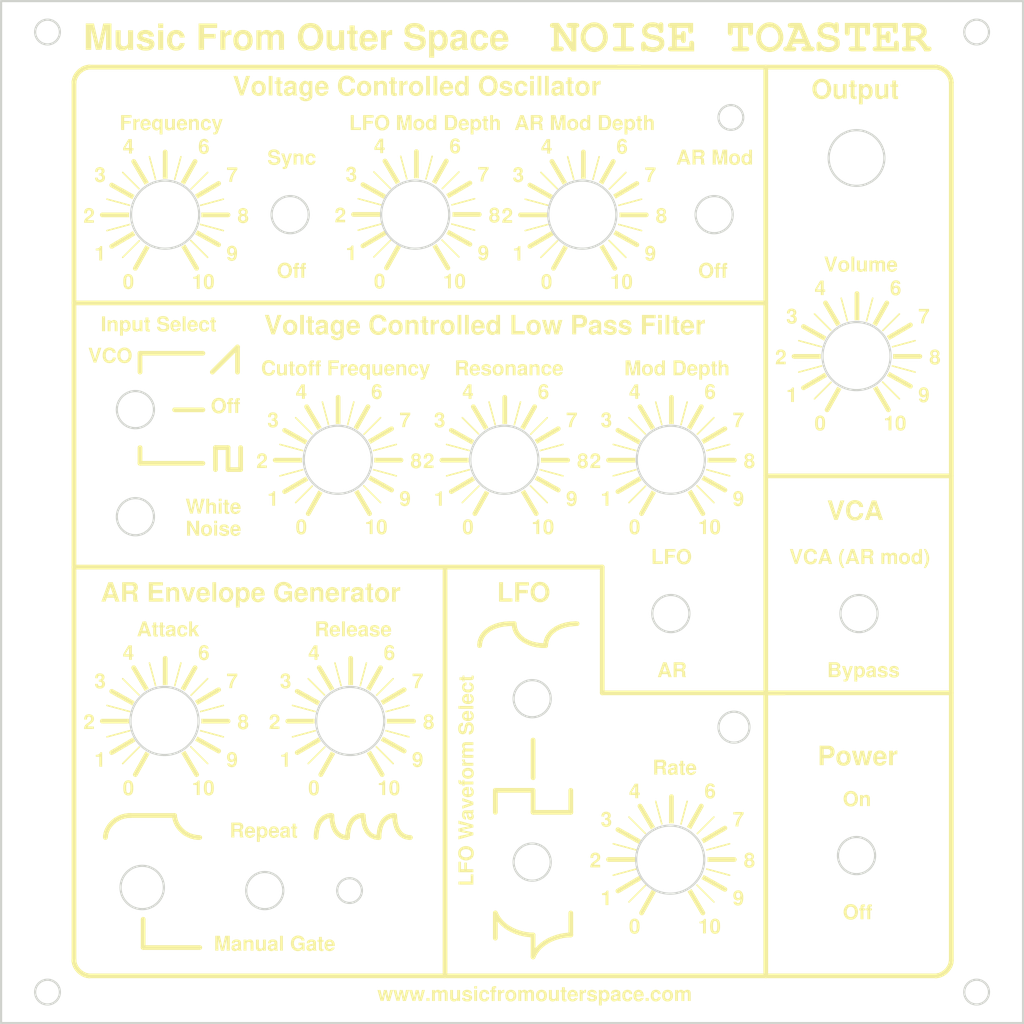
<source format=kicad_pcb>
(kicad_pcb (version 20240108) (generator "pcbnew") (generator_version "8.0")
  (layers (0 "F.Cu" signal) (31 "B.Cu" signal) (34 "B.Paste" user) (35 "F.Paste" user) (36 "B.SilkS" user "B.Silkscreen") (37 "F.SilkS" user "F.Silkscreen") (38 "B.Mask" user) (39 "F.Mask" user) (44 "Edge.Cuts" user))
  (net 0 "")
  (gr_poly (pts (xy 105.668344 134.837174) (xy 107.173166 134.837174) (xy 107.173166 135.378747) (xy 105.023416 135.378747) (xy 105.023416 132.232682) (xy 105.668344 132.232682)) (stroke (width -0.000001)) (fill solid) (layer "F.SilkS"))
  (gr_poly (pts (xy 125.81841 198.08058) (xy 125.859184 198.082852) (xy 125.898957 198.086619) (xy 125.937713 198.091867) (xy 125.975437 198.09858) (xy 126.012113 198.106744) (xy 126.047724 198.116343) (xy 126.082254 198.127362) (xy 126.115689 198.139787) (xy 126.148012 198.153601) (xy 126.179206 198.168789) (xy 126.209257 198.185337) (xy 126.238149 198.20323) (xy 126.265864 198.222452) (xy 126.292388 198.242988) (xy 126.317705 198.264823) (xy 126.341799 198.287942) (xy 126.364653 198.312329) (xy 126.386252 198.33797) (xy 126.406581 198.36485) (xy 126.425622 198.392953) (xy 126.443361 198.422263) (xy 126.459781 198.452767) (xy 126.474867 198.484449) (xy 126.488602 198.517294) (xy 126.500971 198.551286) (xy 126.511958 198.58641) (xy 126.521547 198.622652) (xy 126.529721 198.659996) (xy 126.536466 198.698427) (xy 126.541765 198.73793) (xy 126.545603 198.778489) (xy 126.10325 198.778489) (xy 126.092769 198.736035) (xy 126.08141 198.696978) (xy 126.069069 198.661228) (xy 126.062498 198.644564) (xy 126.055644 198.628693) (xy 126.048493 198.613603) (xy 126.041032 198.599283) (xy 126.033248 198.585721) (xy 126.02513 198.572906) (xy 126.016663 198.560827) (xy 126.007835 198.549473) (xy 125.998633 198.538831) (xy 125.989044 198.528891) (xy 125.979056 198.519642) (xy 125.968655 198.511072) (xy 125.957828 198.503169) (xy 125.946563 198.495923) (xy 125.934848 198.489321) (xy 125.922668 198.483353) (xy 125.910011 198.478008) (xy 125.896864 198.473273) (xy 125.883215 198.469138) (xy 125.86905 198.465591) (xy 125.854357 198.462621) (xy 125.839123 198.460216) (xy 125.823335 198.458365) (xy 125.806979 198.457058) (xy 125.772516 198.456025) (xy 125.748056 198.456606) (xy 125.724311 198.45835) (xy 125.712718 198.459658) (xy 125.701317 198.461257) (xy 125.690113 198.463146) (xy 125.679111 198.465326) (xy 125.668314 198.467797) (xy 125.657728 198.470559) (xy 125.647357 198.473611) (xy 125.637205 198.476954) (xy 125.627277 198.480587) (xy 125.617578 198.484511) (xy 125.608113 198.488726) (xy 125.598885 198.493232) (xy 125.589899 198.498028) (xy 125.58116 198.503115) (xy 125.572672 198.508493) (xy 125.56444 198.514161) (xy 125.556469 198.52012) (xy 125.548762 198.52637) (xy 125.541325 198.532911) (xy 125.534162 198.539742) (xy 125.527278 198.546864) (xy 125.520677 198.554277) (xy 125.514363 198.561981) (xy 125.508341 198.569975) (xy 125.502617 198.57826) (xy 125.497193 198.586836) (xy 125.492076 198.595702) (xy 125.487268 198.604859) (xy 125.476709 198.625585) (xy 125.466743 198.647419) (xy 125.457383 198.670307) (xy 125.44864 198.694194) (xy 125.440526 198.719026) (xy 125.433055 198.744748) (xy 125.426237 198.771307) (xy 125.420086 198.798646) (xy 125.414613 198.826712) (xy 125.40983 198.85545) (xy 125.40575 198.884806) (xy 125.402384 198.914725) (xy 125.399745 198.945153) (xy 125.397845 198.976034) (xy 125.396696 199.007315) (xy 125.396311 199.038941) (xy 125.396721 199.071459) (xy 125.397946 199.103117) (xy 125.399976 199.133905) (xy 125.402803 199.163811) (xy 125.406417 199.192824) (xy 125.410809 199.220932) (xy 125.41597 199.248125) (xy 125.421891 199.27439) (xy 125.428563 199.299716) (xy 125.435977 199.324093) (xy 125.444124 199.347508) (xy 125.452994 199.369951) (xy 125.462579 199.391409) (xy 125.47287 199.411873) (xy 125.483857 199.431329) (xy 125.495531 199.449767) (xy 125.507884 199.467176) (xy 125.520905 199.483544) (xy 125.534587 199.498859) (xy 125.54892 199.513112) (xy 125.563894 199.526289) (xy 125.579502 199.53838) (xy 125.595733 199.549373) (xy 125.612578 199.559258) (xy 125.63003 199.568022) (xy 125.648077 199.575654) (xy 125.666713 199.582143) (xy 125.685926 199.587478) (xy 125.705709 199.591648) (xy 125.726052 199.59464) (xy 125.746945 199.596443) (xy 125.768381 199.597047) (xy 125.802164 199.596015) (xy 125.833809 199.592864) (xy 125.848858 199.590467) (xy 125.863407 199.587508) (xy 125.877467 199.583977) (xy 125.891049 199.579863) (xy 125.904165 199.575156) (xy 125.916826 199.569845) (xy 125.929044 199.563919) (xy 125.940829 199.557367) (xy 125.952194 199.55018) (xy 125.963149 199.542346) (xy 125.973705 199.533856) (xy 125.983875 199.524697) (xy 125.99367 199.514861) (xy 126.0031 199.504335) (xy 126.012178 199.49311) (xy 126.020914 199.481175) (xy 126.02932 199.46852) (xy 126.037407 199.455133) (xy 126.052672 199.426124) (xy 126.066797 199.394062) (xy 126.079875 199.358864) (xy 126.091996 199.320444) (xy 126.10325 199.278718) (xy 126.545603 199.278718) (xy 126.540967 199.318162) (xy 126.534829 199.356643) (xy 126.527211 199.394141) (xy 126.518138 199.430638) (xy 126.507633 199.466114) (xy 126.495719 199.500552) (xy 126.48242 199.53393) (xy 126.46776 199.566232) (xy 126.45176 199.597438) (xy 126.434447 199.627528) (xy 126.415841 199.656485) (xy 126.395968 199.684289) (xy 126.374851 199.710921) (xy 126.352512 199.736362) (xy 126.328976 199.760594) (xy 126.304266 199.783597) (xy 126.278405 199.805353) (xy 126.251417 199.825842) (xy 126.223326 199.845046) (xy 126.194154 199.862945) (xy 126.163926 199.879521) (xy 126.132664 199.894756) (xy 126.100393 199.908629) (xy 126.067135 199.921122) (xy 126.032915 199.932216) (xy 125.997755 199.941893) (xy 125.961679 199.950132) (xy 125.92471 199.956916) (xy 125.886873 199.962226) (xy 125.84819 199.966042) (xy 125.808685 199.968345) (xy 125.768381 199.969117) (xy 125.719429 199.968115) (xy 125.6718 199.96512) (xy 125.625509 199.960151) (xy 125.580572 199.953226) (xy 125.537003 199.944363) (xy 125.494818 199.933581) (xy 125.454032 199.920897) (xy 125.41466 199.906329) (xy 125.376717 199.889896) (xy 125.340219 199.871617) (xy 125.305179 199.851508) (xy 125.271615 199.829589) (xy 125.23954 199.805877) (xy 125.20897 199.780391) (xy 125.17992 199.753148) (xy 125.152405 199.724168) (xy 125.12644 199.693468) (xy 125.102041 199.661066) (xy 125.079222 199.62698) (xy 125.057999 199.59123) (xy 125.038387 199.553832) (xy 125.020401 199.514805) (xy 125.004056 199.474167) (xy 124.989367 199.431937) (xy 124.976349 199.388132) (xy 124.965018 199.342772) (xy 124.955389 199.295872) (xy 124.947477 199.247453) (xy 124.941296 199.197533) (xy 124.936863 199.146128) (xy 124.933298 199.038941) (xy 124.934192 198.982722) (xy 124.936865 198.928022) (xy 124.941303 198.874859) (xy 124.947493 198.823249) (xy 124.955421 198.773211) (xy 124.965073 198.724762) (xy 124.976436 198.677919) (xy 124.989496 198.6327) (xy 125.00424 198.589122) (xy 125.020653 198.547202) (xy 125.038723 198.506959) (xy 125.058435 198.468408) (xy 125.079777 198.431569) (xy 125.102733 198.396457) (xy 125.127292 198.363091) (xy 125.153439 198.331489) (xy 125.18116 198.301666) (xy 125.210442 198.273641) (xy 125.241271 198.247432) (xy 125.273634 198.223055) (xy 125.307517 198.200529) (xy 125.342906 198.179869) (xy 125.379788 198.161095) (xy 125.418149 198.144223) (xy 125.457976 198.129271) (xy 125.499254 198.116255) (xy 125.541971 198.105195) (xy 125.586112 198.096106) (xy 125.631665 198.089007) (xy 125.678614 198.083914) (xy 125.726948 198.080846) (xy 125.776651 198.07982)) (stroke (width -0.000001)) (fill solid) (layer "F.SilkS"))
  (gr_line (start 102.089972 141.407893) (end 102.163425 141.240678) (stroke (width 0.761999)) (layer "F.SilkS"))
  (gr_line (start 75.492154 172.888271) (end 75.526633 172.584538) (stroke (width 0.761999)) (layer "F.SilkS"))
  (gr_poly (pts (xy 111.921518 198.080858) (xy 111.972138 198.08396) (xy 112.021343 198.089106) (xy 112.069118 198.096276) (xy 112.115446 198.10545) (xy 112.160309 198.11661) (xy 112.203692 198.129734) (xy 112.245578 198.144804) (xy 112.285949 198.1618) (xy 112.32479 198.180702) (xy 112.362084 198.20149) (xy 112.397814 198.224146) (xy 112.431963 198.248648) (xy 112.464515 198.274977) (xy 112.495454 198.303114) (xy 112.524761 198.333039) (xy 112.552422 198.364733) (xy 112.578418 198.398175) (xy 112.602734 198.433345) (xy 112.625353 198.470226) (xy 112.646259 198.508795) (xy 112.665433 198.549035) (xy 112.682861 198.590924) (xy 112.698525 198.634445) (xy 112.712408 198.679576) (xy 112.724494 198.726298) (xy 112.734767 198.774591) (xy 112.743209 198.824437) (xy 112.749804 198.875814) (xy 112.754536 198.928704) (xy 112.757387 198.983086) (xy 112.758341 199.038941) (xy 112.757352 199.092168) (xy 112.7544 199.144086) (xy 112.749511 199.194671) (xy 112.742708 199.243896) (xy 112.734016 199.291738) (xy 112.723459 199.338171) (xy 112.71106 199.38317) (xy 112.696845 199.42671) (xy 112.680837 199.468767) (xy 112.663061 199.509315) (xy 112.643541 199.548329) (xy 112.6223 199.585785) (xy 112.599365 199.621657) (xy 112.574758 199.65592) (xy 112.548503 199.68855) (xy 112.520626 199.719521) (xy 112.49115 199.748809) (xy 112.4601 199.776389) (xy 112.427499 199.802234) (xy 112.393372 199.826322) (xy 112.357743 199.848626) (xy 112.320637 199.869121) (xy 112.282077 199.887783) (xy 112.242089 199.904587) (xy 112.200695 199.919507) (xy 112.15792 199.932519) (xy 112.11379 199.943598) (xy 112.068326 199.952718) (xy 112.021555 199.959855) (xy 111.9735 199.964984) (xy 111.924186 199.96808) (xy 111.873636 199.969117) (xy 111.823098 199.968079) (xy 111.773818 199.964981) (xy 111.725819 199.959845) (xy 111.679124 199.952694) (xy 111.633754 199.94355) (xy 111.589734 199.932437) (xy 111.547085 199.919377) (xy 111.50583 199.904393) (xy 111.465992 199.887507) (xy 111.427595 199.868742) (xy 111.390659 199.848122) (xy 111.355209 199.825667) (xy 111.321267 199.801403) (xy 111.288855 199.77535) (xy 111.257996 199.747532) (xy 111.228714 199.717971) (xy 111.20103 199.68669) (xy 111.174968 199.653712) (xy 111.15055 199.61906) (xy 111.127799 199.582756) (xy 111.106737 199.544823) (xy 111.087388 199.505284) (xy 111.069773 199.464161) (xy 111.053917 199.421477) (xy 111.03984 199.377254) (xy 111.027567 199.331517) (xy 111.01712 199.284286) (xy 111.008522 199.235585) (xy 111.001794 199.185437) (xy 110.996961 199.133865) (xy 110.994044 199.08089) (xy 110.993067 199.026536) (xy 111.456079 199.026536) (xy 111.456573 199.058363) (xy 111.458044 199.089491) (xy 111.460474 199.1199) (xy 111.463848 199.149569) (xy 111.468148 199.178478) (xy 111.473358 199.206606) (xy 111.479461 199.233934) (xy 111.486441 199.26044) (xy 111.494281 199.286105) (xy 111.502964 199.310907) (xy 111.512474 199.334827) (xy 111.522794 199.357843) (xy 111.533907 199.379936) (xy 111.545797 199.401085) (xy 111.558447 199.421269) (xy 111.57184 199.440469) (xy 111.58596 199.458663) (xy 111.60079 199.475832) (xy 111.616314 199.491954) (xy 111.632514 199.50701) (xy 111.649374 199.520979) (xy 111.666877 199.53384) (xy 111.685008 199.545573) (xy 111.703748 199.556158) (xy 111.723082 199.565575) (xy 111.742993 199.573802) (xy 111.763463 199.580819) (xy 111.784478 199.586607) (xy 111.806019 199.591144) (xy 111.82807 199.59441) (xy 111.850615 199.596384) (xy 111.873636 199.597047) (xy 111.89667 199.596372) (xy 111.919249 199.594365) (xy 111.941355 199.591048) (xy 111.962972 199.586445) (xy 111.984079 199.58058) (xy 112.00466 199.573475) (xy 112.024696 199.565154) (xy 112.044168 199.555642) (xy 112.063059 199.54496) (xy 112.081351 199.533133) (xy 112.099024 199.520185) (xy 112.116062 199.506138) (xy 112.132446 199.491016) (xy 112.148158 199.474842) (xy 112.163179 199.457641) (xy 112.177492 199.439435) (xy 112.191078 199.420248) (xy 112.203919 199.400103) (xy 112.227295 199.357035) (xy 112.247472 199.310418) (xy 112.264307 199.26044) (xy 112.277654 199.207289) (xy 112.287368 199.151152) (xy 112.293302 199.092216) (xy 112.295313 199.030671) (xy 112.294831 198.99847) (xy 112.293393 198.966991) (xy 112.291014 198.936254) (xy 112.287707 198.906278) (xy 112.283485 198.877083) (xy 112.278363 198.848689) (xy 112.272354 198.821116) (xy 112.26547 198.794383) (xy 112.257728 198.768509) (xy 112.249138 198.743515) (xy 112.239716 198.719421) (xy 112.229475 198.696245) (xy 112.218429 198.674008) (xy 112.206591 198.65273) (xy 112.193974 198.632429) (xy 112.180593 198.613126) (xy 112.166462 198.59484) (xy 112.151592 198.577591) (xy 112.136 198.5614) (xy 112.119697 198.546284) (xy 112.102697 198.532265) (xy 112.085015 198.519361) (xy 112.066664 198.507593) (xy 112.047657 198.49698) (xy 112.028008 198.487542) (xy 112.007731 198.479299) (xy 111.986839 198.472269) (xy 111.965346 198.466474) (xy 111.943266 198.461932) (xy 111.920612 198.458664) (xy 111.897397 198.456688) (xy 111.873636 198.456025) (xy 111.850615 198.456688) (xy 111.82807 198.458662) (xy 111.806019 198.461929) (xy 111.784478 198.466466) (xy 111.763463 198.472253) (xy 111.742993 198.479271) (xy 111.723082 198.487499) (xy 111.703748 198.496916) (xy 111.685008 198.507501) (xy 111.666877 198.519235) (xy 111.649374 198.532097) (xy 111.632514 198.546066) (xy 111.616314 198.561122) (xy 111.60079 198.577245) (xy 111.58596 198.594414) (xy 111.57184 198.612609) (xy 111.558447 198.631809) (xy 111.545797 198.651994) (xy 111.522794 198.695236) (xy 111.502964 198.742172) (xy 111.486441 198.792638) (xy 111.473358 198.846471) (xy 111.463848 198.903508) (xy 111.458044 198.963584) (xy 111.456079 199.026536) (xy 110.993067 199.026536) (xy 110.994044 198.972171) (xy 110.99696 198.919163) (xy 111.001791 198.867536) (xy 111.008513 198.817313) (xy 111.017104 198.76852) (xy 111.02754 198.721179) (xy 111.039797 198.675317) (xy 111.053852 198.630956) (xy 111.069681 198.588121) (xy 111.087261 198.546836) (xy 111.106569 198.507126) (xy 111.127581 198.469014) (xy 111.150273 198.432525) (xy 111.174622 198.397684) (xy 111.200604 198.364514) (xy 111.228197 198.333039) (xy 111.257376 198.303285) (xy 111.288119 198.275274) (xy 111.320401 198.249031) (xy 111.354199 198.224582) (xy 111.38949 198.201949) (xy 111.426251 198.181156) (xy 111.464457 198.16223) (xy 111.504085 198.145192) (xy 111.545113 198.130068) (xy 111.587516 198.116882) (xy 111.63127 198.105659) (xy 111.676353 198.096421) (xy 111.722742 198.089194) (xy 111.770411 198.084002) (xy 111.819339 198.080869) (xy 111.869501 198.07982)) (stroke (width -0.000001)) (fill solid) (layer "F.SilkS"))
  (gr_poly (pts (xy 136.268459 96.987858) (xy 136.301538 96.989552) (xy 136.33417 96.992363) (xy 136.366335 96.996277) (xy 136.398016 97.001285) (xy 136.429194 97.007375) (xy 136.459851 97.014535) (xy 136.48997 97.022754) (xy 136.519531 97.03202) (xy 136.548517 97.042323) (xy 136.576909 97.053651) (xy 136.60469 97.065992) (xy 136.631841 97.079336) (xy 136.658344 97.093671) (xy 136.684181 97.108985) (xy 136.709333 97.125267) (xy 136.733783 97.142506) (xy 136.757513 97.160691) (xy 136.780504 97.179809) (xy 136.802737 97.199851) (xy 136.824196 97.220803) (xy 136.844861 97.242656) (xy 136.864715 97.265398) (xy 136.883739 97.289016) (xy 136.901915 97.313501) (xy 136.919226 97.33884) (xy 136.935652 97.365023) (xy 136.951176 97.392037) (xy 136.965779 97.419873) (xy 136.979444 97.448517) (xy 136.992152 97.477959) (xy 137.003885 97.508187) (xy 137.018604 97.556577) (xy 137.031672 97.608504) (xy 137.042993 97.663629) (xy 137.052471 97.721612) (xy 137.06001 97.782114) (xy 137.065514 97.844796) (xy 137.068887 97.909319) (xy 137.070032 97.975343) (xy 137.070032 98.053895) (xy 135.871134 98.053895) (xy 135.872785 98.084629) (xy 135.874655 98.113346) (xy 135.876767 98.140162) (xy 135.879145 98.165191) (xy 135.881814 98.18855) (xy 135.884798 98.210352) (xy 135.888121 98.230713) (xy 135.891808 98.249747) (xy 135.895881 98.267571) (xy 135.900367 98.284298) (xy 135.905288 98.300045) (xy 135.91067 98.314925) (xy 135.916535 98.329055) (xy 135.92291 98.342549) (xy 135.929817 98.355522) (xy 135.937281 98.368089) (xy 135.950164 98.386204) (xy 135.963992 98.403326) (xy 135.97874 98.419431) (xy 135.994385 98.434494) (xy 136.010902 98.448491) (xy 136.028267 98.461398) (xy 136.046455 98.47319) (xy 136.065443 98.483845) (xy 136.085206 98.493336) (xy 136.105719 98.501641) (xy 136.126959 98.508734) (xy 136.1489 98.514592) (xy 136.17152 98.51919) (xy 136.194794 98.522505) (xy 136.218696 98.524511) (xy 136.243204 98.525186) (xy 136.258973 98.524944) (xy 136.274495 98.524223) (xy 136.289761 98.523026) (xy 136.304767 98.521358) (xy 136.319507 98.519224) (xy 136.333974 98.516628) (xy 136.348163 98.513575) (xy 136.362066 98.510069) (xy 136.37568 98.506116) (xy 136.388996 98.501718) (xy 136.402009 98.496882) (xy 136.414714 98.491611) (xy 136.427104 98.48591) (xy 136.439172 98.479783) (xy 136.450914 98.473236) (xy 136.462322 98.466272) (xy 136.473392 98.458897) (xy 136.484116 98.451114) (xy 136.494488 98.442929) (xy 136.504504 98.434345) (xy 136.514156 98.425368) (xy 136.523439 98.416002) (xy 136.532346 98.406252) (xy 136.540871 98.396121) (xy 136.549009 98.385615) (xy 136.556754 98.374738) (xy 136.564098 98.363494) (xy 136.571037 98.351889) (xy 136.577564 98.339927) (xy 136.583673 98.327612) (xy 136.589359 98.314949) (xy 136.594614 98.301942) (xy 137.053492 98.301942) (xy 137.03158 98.366305) (xy 137.00474 98.427524) (xy 136.973175 98.485461) (xy 136.937093 98.539977) (xy 136.896699 98.590931) (xy 136.852199 98.638186) (xy 136.803799 98.681601) (xy 136.751705 98.721037) (xy 136.696123 98.756355) (xy 136.637259 98.787416) (xy 136.575318 98.81408) (xy 136.510507 98.836209) (xy 136.443032 98.853662) (xy 136.373098 98.866302) (xy 136.300912 98.873987) (xy 136.226679 98.87658) (xy 136.179967 98.875566) (xy 136.134416 98.87254) (xy 136.090045 98.867523) (xy 136.046876 98.860537) (xy 136.004931 98.851603) (xy 135.96423 98.840745) (xy 135.924795 98.827984) (xy 135.886647 98.813342) (xy 135.849806 98.796841) (xy 135.814295 98.778502) (xy 135.780135 98.758349) (xy 135.747346 98.736402) (xy 135.71595 98.712683) (xy 135.685968 98.687215) (xy 135.657421 98.66002) (xy 135.630331 98.63112) (xy 135.604718 98.600536) (xy 135.580604 98.56829) (xy 135.558011 98.534404) (xy 135.536958 98.498901) (xy 135.517468 98.461803) (xy 135.499561 98.42313) (xy 135.483259 98.382906) (xy 135.468584 98.341151) (xy 135.455555 98.297889) (xy 135.444195 98.253141) (xy 135.434524 98.206928) (xy 135.426564 98.159274) (xy 135.420336 98.1102) (xy 135.415861 98.059727) (xy 135.412256 97.954675) (xy 135.413161 97.899523) (xy 135.415863 97.845706) (xy 135.420343 97.793252) (xy 135.425874 97.747971) (xy 135.879404 97.747971) (xy 136.590479 97.747971) (xy 136.584667 97.699819) (xy 136.580895 97.67684) (xy 136.576548 97.654597) (xy 136.57163 97.633093) (xy 136.566141 97.612331) (xy 136.560084 97.592314) (xy 136.553462 97.573045) (xy 136.546277 97.554527) (xy 136.538531 97.536762) (xy 136.530227 97.519755) (xy 136.521366 97.503508) (xy 136.511951 97.488023) (xy 136.501984 97.473305) (xy 136.491467 97.459356) (xy 136.480404 97.446179) (xy 136.468795 97.433778) (xy 136.456644 97.422154) (xy 136.443952 97.411312) (xy 136.430722 97.401254) (xy 136.416957 97.391983) (xy 136.402657 97.383502) (xy 136.387827 97.375815) (xy 136.372467 97.368924) (xy 136.35658 97.362832) (xy 136.340169 97.357543) (xy 136.323236 97.353059) (xy 136.305782 97.349384) (xy 136.287811 97.34652) (xy 136.269324 97.344471) (xy 136.250325 97.343239) (xy 136.230814 97.342828) (xy 136.193121 97.34438) (xy 136.175071 97.346323) (xy 136.157553 97.349045) (xy 136.140564 97.352549) (xy 136.124105 97.356835) (xy 136.108174 97.361906) (xy 136.092771 97.367762) (xy 136.077894 97.374405) (xy 136.063544 97.381838) (xy 136.049719 97.39006) (xy 136.036418 97.399075) (xy 136.023642 97.408883) (xy 136.011388 97.419485) (xy 135.999657 97.430884) (xy 135.988447 97.443081) (xy 135.977758 97.456077) (xy 135.967589 97.469874) (xy 135.95794 97.484473) (xy 135.948809 97.499877) (xy 135.940196 97.516085) (xy 135.932099 97.533101) (xy 135.917455 97.569559) (xy 135.904869 97.609263) (xy 135.894336 97.652225) (xy 135.88585 97.698457) (xy 135.879404 97.747971) (xy 135.425874 97.747971) (xy 135.42658 97.742187) (xy 135.434556 97.69254) (xy 135.444249 97.644337) (xy 135.455641 97.597605) (xy 135.468713 97.552373) (xy 135.483443 97.508666) (xy 135.499814 97.466513) (xy 135.517804 97.42594) (xy 135.537394 97.386976) (xy 135.558565 97.349646) (xy 135.581297 97.313979) (xy 135.60557 97.280001) (xy 135.631365 97.24774) (xy 135.658661 97.217223) (xy 135.68744 97.188477) (xy 135.717681 97.16153) (xy 135.749365 97.136409) (xy 135.782472 97.113141) (xy 135.816983 97.091753) (xy 135.852877 97.072273) (xy 135.890136 97.054728) (xy 135.928739 97.039145) (xy 135.968666 97.025551) (xy 136.009899 97.013974) (xy 136.052417 97.00444) (xy 136.096201 96.996978) (xy 136.14123 96.991614) (xy 136.187486 96.988376) (xy 136.234949 96.98729)) (stroke (width -0.000001)) (fill solid) (layer "F.SilkS"))
  (gr_poly (pts (xy 45.70405 62.087102) (xy 45.947962 62.087102) (xy 45.947962 62.471574) (xy 45.70405 62.471574) (xy 45.70405 62.988336) (xy 45.24103 62.988336) (xy 45.24103 62.471574) (xy 44.302584 62.471574) (xy 44.302584 62.087102) (xy 44.629175 62.087102) (xy 45.24103 62.087102) (xy 45.24103 61.086644) (xy 44.629175 62.087102) (xy 44.302584 62.087102) (xy 44.302584 62.078832) (xy 45.158342 60.648429) (xy 45.70405 60.648429)) (stroke (width -0.000001)) (fill solid) (layer "F.SilkS"))
  (gr_poly (pts (xy 86.153254 199.361405) (xy 86.421976 198.112901) (xy 86.884996 198.112901) (xy 87.153711 199.361405) (xy 87.422426 198.112901) (xy 87.901987 198.112901) (xy 87.397623 199.8947) (xy 86.91807 199.8947) (xy 86.649347 198.637925) (xy 86.364092 199.8947) (xy 85.888674 199.8947) (xy 85.388445 198.112901) (xy 85.867998 198.112901)) (stroke (width -0.000001)) (fill solid) (layer "F.SilkS"))
  (gr_poly (pts (xy 142.302011 114.936044) (xy 142.308061 114.937838) (xy 142.313989 114.939922) (xy 142.319784 114.942287) (xy 142.32544 114.944927) (xy 142.330946 114.947836) (xy 142.336293 114.951005) (xy 142.341473 114.954428) (xy 142.346477 114.958098) (xy 142.351297 114.962009) (xy 142.355922 114.966153) (xy 142.360344 114.970522) (xy 142.364554 114.975112) (xy 142.368544 114.979913) (xy 142.372304 114.98492) (xy 142.375825 114.990126) (xy 142.379099 114.995522) (xy 142.382098 115.001075) (xy 142.384807 115.006744) (xy 142.387223 115.012519) (xy 142.389346 115.018388) (xy 142.391174 115.024341) (xy 142.392706 115.030365) (xy 142.39394 115.036451) (xy 142.394875 115.042585) (xy 142.395509 115.048758) (xy 142.395841 115.054959) (xy 142.395869 115.061175) (xy 142.395593 115.067396) (xy 142.395011 115.07361) (xy 142.394121 115.079807) (xy 142.392922 115.085975) (xy 142.391413 115.092103) (xy 142.389616 115.098153) (xy 142.38753 115.104081) (xy 142.385164 115.109877) (xy 142.382523 115.115533) (xy 142.379614 115.12104) (xy 142.376445 115.126389) (xy 142.373022 115.13157) (xy 142.369352 115.136575) (xy 142.365443 115.141394) (xy 142.3613 115.14602) (xy 142.356931 115.150442) (xy 142.352343 115.154652) (xy 142.347542 115.158641) (xy 142.342536 115.1624) (xy 142.337331 115.165919) (xy 142.331934 115.16919) (xy 142.326381 115.172191) (xy 142.320712 115.174901) (xy 142.314937 115.177318) (xy 142.309068 115.179442) (xy 142.303115 115.181271) (xy 142.297091 115.182803) (xy 142.291005 115.184037) (xy 142.28487 115.184972) (xy 142.278697 115.185606) (xy 142.272496 115.185938) (xy 142.266279 115.185966) (xy 142.260057 115.185689) (xy 142.253842 115.185106) (xy 142.247644 115.184215) (xy 142.241475 115.183015) (xy 142.235346 115.181504) (xy 138.444361 114.156762) (xy 138.464026 114.096301) (xy 138.483225 114.035727) (xy 138.501726 113.974951) (xy 138.519297 113.91388)) (stroke (width -0.000001)) (fill solid) (layer "F.SilkS"))
  (gr_poly (pts (xy 170.574274 127.469156) (xy 170.624893 127.472258) (xy 170.674098 127.477404) (xy 170.721873 127.484574) (xy 170.7682 127.493748) (xy 170.813063 127.504907) (xy 170.856446 127.518031) (xy 170.898331 127.533101) (xy 170.938702 127.550097) (xy 170.977542 127.568998) (xy 171.014836 127.589786) (xy 171.050565 127.612441) (xy 171.084713 127.636943) (xy 171.117265 127.663272) (xy 171.148202 127.691409) (xy 171.177509 127.721333) (xy 171.205169 127.753026) (xy 171.231165 127.786468) (xy 171.25548 127.821639) (xy 171.278099 127.858518) (xy 171.299003 127.897088) (xy 171.318177 127.937327) (xy 171.335604 127.979216) (xy 171.351268 128.022736) (xy 171.36515 128.067867) (xy 171.377236 128.114589) (xy 171.387508 128.162882) (xy 171.39595 128.212727) (xy 171.402545 128.264104) (xy 171.407276 128.316994) (xy 171.410127 128.371376) (xy 171.411081 128.427232) (xy 171.410092 128.480459) (xy 171.407141 128.532377) (xy 171.402252 128.582961) (xy 171.39545 128.632186) (xy 171.386758 128.680028) (xy 171.3762 128.726461) (xy 171.363802 128.77146) (xy 171.349588 128.815) (xy 171.33358 128.857057) (xy 171.315805 128.897605) (xy 171.296285 128.936619) (xy 171.275046 128.974075) (xy 171.252111 129.009947) (xy 171.227504 129.044211) (xy 171.201251 129.076841) (xy 171.173374 129.107812) (xy 171.143899 129.1371) (xy 171.112849 129.164679) (xy 171.080249 129.190525) (xy 171.046123 129.214612) (xy 171.010495 129.236916) (xy 170.973389 129.257411) (xy 170.93483 129.276073) (xy 170.894842 129.292877) (xy 170.853449 129.307797) (xy 170.810675 129.320809) (xy 170.766544 129.331888) (xy 170.721082 129.341008) (xy 170.674311 129.348146) (xy 170.626256 129.353274) (xy 170.576942 129.35637) (xy 170.526392 129.357408) (xy 170.475854 129.35637) (xy 170.426574 129.353271) (xy 170.378575 129.348135) (xy 170.331879 129.340984) (xy 170.28651 129.331841) (xy 170.242489 129.320728) (xy 170.19984 129.307668) (xy 170.158586 129.292683) (xy 170.118748 129.275797) (xy 170.08035 129.257033) (xy 170.043415 129.236412) (xy 170.007965 129.213958) (xy 169.974022 129.189693) (xy 169.941611 129.16364) (xy 169.910752 129.135822) (xy 169.88147 129.106261) (xy 169.853786 129.074981) (xy 169.827724 129.042003) (xy 169.803306 129.007351) (xy 169.780554 128.971046) (xy 169.759493 128.933113) (xy 169.740143 128.893574) (xy 169.722529 128.852451) (xy 169.706672 128.809767) (xy 169.692596 128.765545) (xy 169.680323 128.719807) (xy 169.669876 128.672576) (xy 169.661277 128.623876) (xy 169.65455 128.573728) (xy 169.649716 128.522155) (xy 169.6468 128.46918) (xy 169.645822 128.414826) (xy 170.108835 128.414826) (xy 170.109329 128.446652) (xy 170.110799 128.47778) (xy 170.11323 128.508188) (xy 170.116603 128.537857) (xy 170.120903 128.566766) (xy 170.126114 128.594894) (xy 170.132217 128.622221) (xy 170.139197 128.648727) (xy 170.147037 128.674392) (xy 170.15572 128.699194) (xy 170.16523 128.723114) (xy 170.17555 128.74613) (xy 170.186663 128.768223) (xy 170.198553 128.789372) (xy 170.211203 128.809557) (xy 170.224596 128.828756) (xy 170.238716 128.846951) (xy 170.253546 128.86412) (xy 170.269069 128.880242) (xy 170.285269 128.895298) (xy 170.30213 128.909267) (xy 170.319633 128.922129) (xy 170.337763 128.933863) (xy 170.356504 128.944448) (xy 170.375838 128.953864) (xy 170.395748 128.962092) (xy 170.416219 128.969109) (xy 170.437233 128.974897) (xy 170.458775 128.979434) (xy 170.480826 128.9827) (xy 170.50337 128.984674) (xy 170.526392 128.985337) (xy 170.549425 128.984663) (xy 170.572004 128.982656) (xy 170.594111 128.979339) (xy 170.615727 128.974736) (xy 170.636835 128.96887) (xy 170.657416 128.961765) (xy 170.677451 128.953445) (xy 170.696924 128.943932) (xy 170.715815 128.933251) (xy 170.734106 128.921424) (xy 170.75178 128.908475) (xy 170.768818 128.894428) (xy 170.785202 128.879306) (xy 170.800914 128.863133) (xy 170.815935 128.845931) (xy 170.830248 128.827725) (xy 170.843834 128.808538) (xy 170.856675 128.788394) (xy 170.88005 128.745326) (xy 170.900228 128.698709) (xy 170.917063 128.648731) (xy 170.93041 128.595579) (xy 170.940123 128.539442) (xy 170.946058 128.480507) (xy 170.948069 128.418961) (xy 170.947586 128.38676) (xy 170.946149 128.355281) (xy 170.94377 128.324544) (xy 170.940463 128.294569) (xy 170.936241 128.265374) (xy 170.931119 128.23698) (xy 170.925109 128.209407) (xy 170.918226 128.182674) (xy 170.910483 128.156801) (xy 170.901894 128.131808) (xy 170.892472 128.107713) (xy 170.882231 128.084538) (xy 170.871185 128.062301) (xy 170.859347 128.041023) (xy 170.84673 128.020723) (xy 170.833349 128.00142) (xy 170.819217 127.983135) (xy 170.804348 127.965886) (xy 170.788755 127.949695) (xy 170.772452 127.93458) (xy 170.755453 127.920561) (xy 170.737771 127.907657) (xy 170.71942 127.89589) (xy 170.700413 127.885277) (xy 170.680764 127.875839) (xy 170.660487 127.867596) (xy 170.639595 127.860567) (xy 170.618102 127.854772) (xy 170.596022 127.85023) (xy 170.573367 127.846961) (xy 170.550153 127.844986) (xy 170.526392 127.844323) (xy 170.50337 127.844986) (xy 170.480826 127.84696) (xy 170.458775 127.850226) (xy 170.437233 127.854763) (xy 170.416219 127.860551) (xy 170.395748 127.867569) (xy 170.375838 127.875796) (xy 170.356504 127.885212) (xy 170.337763 127.895798) (xy 170.319633 127.907531) (xy 170.30213 127.920393) (xy 170.285269 127.934362) (xy 170.269069 127.949418) (xy 170.253546 127.96554) (xy 170.238716 127.982709) (xy 170.224596 128.000903) (xy 170.211203 128.020103) (xy 170.198553 128.040287) (xy 170.17555 128.083528) (xy 170.15572 128.130464) (xy 170.139197 128.18093) (xy 170.126114 128.234762) (xy 170.116603 128.291798) (xy 170.110799 128.351874) (xy 170.108835 128.414826) (xy 169.645822 128.414826) (xy 169.6468 128.360461) (xy 169.649715 128.307453) (xy 169.654546 128.255825) (xy 169.661269 128.205602) (xy 169.66986 128.156808) (xy 169.680296 128.109468) (xy 169.692553 128.063605) (xy 169.706608 128.019244) (xy 169.722437 127.976409) (xy 169.740017 127.935125) (xy 169.759325 127.895415) (xy 169.780336 127.857304) (xy 169.803028 127.820815) (xy 169.827377 127.785974) (xy 169.85336 127.752805) (xy 169.880953 127.721331) (xy 169.910132 127.691576) (xy 169.940875 127.663566) (xy 169.973157 127.637325) (xy 170.006955 127.612875) (xy 170.042246 127.590243) (xy 170.079007 127.569451) (xy 170.117213 127.550525) (xy 170.156841 127.533488) (xy 170.197869 127.518365) (xy 170.240271 127.505179) (xy 170.284026 127.493956) (xy 170.329109 127.484719) (xy 170.375497 127.477492) (xy 170.423167 127.4723) (xy 170.472095 127.469167) (xy 170.522257 127.468118)) (stroke (width -0.000001)) (fill solid) (layer "F.SilkS"))
  (gr_poly (pts (xy 42.453449 149.476064) (xy 42.46594 149.476486) (xy 42.478391 149.477315) (xy 42.49079 149.478551) (xy 42.50313 149.480189) (xy 42.5154 149.482228) (xy 42.527591 149.484665) (xy 42.539693 149.487498) (xy 42.551696 149.490724) (xy 42.56359 149.494341) (xy 42.575366 149.498346) (xy 42.587015 149.502737) (xy 42.598525 149.507511) (xy 42.609889 149.512666) (xy 42.621095 149.5182) (xy 42.632135 149.52411) (xy 46.150263 151.490395) (xy 46.100062 151.570808) (xy 46.051097 151.652104) (xy 46.003398 151.734286) (xy 45.956994 151.817357) (xy 45.911914 151.901319) (xy 45.868188 151.986175) (xy 45.825845 152.071927) (xy 45.784914 152.158578) (xy 42.260576 150.189187) (xy 42.243709 150.179191) (xy 42.227542 150.16847) (xy 42.212085 150.157055) (xy 42.197346 150.14498) (xy 42.183335 150.132277) (xy 42.17006 150.118979) (xy 42.157533 150.105118) (xy 42.14576 150.090727) (xy 42.134752 150.075838) (xy 42.124518 150.060484) (xy 42.115068 150.044697) (xy 42.106409 150.02851) (xy 42.098552 150.011955) (xy 42.091506 149.995066) (xy 42.08528 149.977874) (xy 42.079883 149.960412) (xy 42.075324 149.942713) (xy 42.071613 149.924809) (xy 42.068759 149.906732) (xy 42.06677 149.888516) (xy 42.065657 149.870193) (xy 42.065429 149.851795) (xy 42.066094 149.833355) (xy 42.067662 149.814905) (xy 42.070142 149.796478) (xy 42.073544 149.778107) (xy 42.077876 149.759824) (xy 42.083148 149.741662) (xy 42.089369 149.723652) (xy 42.096548 149.705829) (xy 42.104694 149.688223) (xy 42.113817 149.670869) (xy 42.126946 149.649146) (xy 42.141372 149.628505) (xy 42.157024 149.608987) (xy 42.173835 149.590633) (xy 42.191736 149.573484) (xy 42.210658 149.55758) (xy 42.230533 149.542962) (xy 42.251291 149.529673) (xy 42.272865 149.517751) (xy 42.295184 149.507239) (xy 42.318182 149.498177) (xy 42.341788 149.490606) (xy 42.365934 149.484567) (xy 42.390552 149.480101) (xy 42.415573 149.477249) (xy 42.440927 149.476052)) (stroke (width -0.000001)) (fill solid) (layer "F.SilkS"))
  (gr_line (start 75.73425 171.683755) (end 75.843144 171.39937) (stroke (width 0.761999)) (layer "F.SilkS"))
  (gr_poly (pts (xy 88.424103 109.851816) (xy 88.430303 109.852149) (xy 88.436476 109.852783) (xy 88.44261 109.853718) (xy 88.448695 109.854953) (xy 88.454719 109.856485) (xy 88.460672 109.858313) (xy 88.466541 109.860437) (xy 88.472316 109.862853) (xy 88.477985 109.865562) (xy 88.483538 109.868562) (xy 88.488936 109.871834) (xy 88.494142 109.875355) (xy 88.499149 109.879115) (xy 88.503951 109.883104) (xy 88.50854 109.887315) (xy 88.512909 109.891738) (xy 88.517053 109.896363) (xy 88.520963 109.901183) (xy 88.524633 109.906188) (xy 88.528056 109.911369) (xy 88.531225 109.916717) (xy 88.534134 109.922223) (xy 88.536775 109.927878) (xy 88.539141 109.933674) (xy 88.541227 109.9396) (xy 88.543024 109.945649) (xy 88.544559 109.951994) (xy 88.545759 109.95834) (xy 88.546629 109.964679) (xy 88.547174 109.970999) (xy 88.547402 109.977292) (xy 88.547316 109.983548) (xy 88.546923 109.989757) (xy 88.546229 109.995909) (xy 88.545238 110.001994) (xy 88.543957 110.008003) (xy 88.542391 110.013926) (xy 88.540546 110.019754) (xy 88.538427 110.025476) (xy 88.53604 110.031082) (xy 88.53339 110.036564) (xy 88.530484 110.041911) (xy 88.527327 110.047114) (xy 88.523923 110.052162) (xy 88.52028 110.057047) (xy 88.516402 110.061757) (xy 88.512296 110.066285) (xy 88.507966 110.070619) (xy 88.503419 110.074751) (xy 88.498659 110.07867) (xy 88.493693 110.082366) (xy 88.488527 110.08583) (xy 88.483165 110.089053) (xy 88.477613 110.092024) (xy 88.471878 110.094734) (xy 88.465964 110.097172) (xy 88.459877 110.09933) (xy 88.453623 110.101197) (xy 84.690027 111.118707) (xy 84.674017 111.057021) (xy 84.657242 110.995654) (xy 84.639806 110.934576) (xy 84.621813 110.873757) (xy 88.386965 109.856248) (xy 88.393091 109.854737) (xy 88.399258 109.853537) (xy 88.405454 109.852647) (xy 88.411667 109.852064) (xy 88.417888 109.851788)) (stroke (width -0.000001)) (fill solid) (layer "F.SilkS"))
  (gr_line (start 101.935098 141.933349) (end 101.975622 141.754414) (stroke (width 0.761999)) (layer "F.SilkS"))
  (gr_line (start 36.475937 50.852623) (end 36.438536 50.968158) (stroke (width 0.761999)) (layer "F.SilkS"))
  (gr_poly (pts (xy 76.390543 190.018296) (xy 76.64686 190.018296) (xy 76.64686 190.32837) (xy 76.390543 190.32837) (xy 76.390543 191.299882) (xy 76.390898 191.327952) (xy 76.392029 191.353333) (xy 76.394031 191.376147) (xy 76.39539 191.386629) (xy 76.397002 191.396514) (xy 76.398882 191.405818) (xy 76.40104 191.414556) (xy 76.403488 191.422744) (xy 76.40624 191.430395) (xy 76.409306 191.437525) (xy 76.412699 191.44415) (xy 76.416431 191.450284) (xy 76.420515 191.455943) (xy 76.424962 191.461142) (xy 76.429784 191.465895) (xy 76.434994 191.470219) (xy 76.440604 191.474128) (xy 76.446626 191.477637) (xy 76.453071 191.480762) (xy 76.459952 191.483517) (xy 76.467282 191.485918) (xy 76.475072 191.48798) (xy 76.483334 191.489717) (xy 76.492081 191.491146) (xy 76.501324 191.492281) (xy 76.521348 191.493731) (xy 76.543505 191.494187) (xy 76.556763 191.493993) (xy 76.568956 191.49341) (xy 76.580567 191.492439) (xy 76.592081 191.49108) (xy 76.603983 191.489335) (xy 76.616757 191.487203) (xy 76.64686 191.481782) (xy 76.64686 191.808366) (xy 76.615992 191.816915) (xy 76.585172 191.824008) (xy 76.554061 191.829743) (xy 76.52232 191.834216) (xy 76.489609 191.837526) (xy 76.455591 191.839769) (xy 76.419925 191.841044) (xy 76.382273 191.841447) (xy 76.326751 191.839846) (xy 76.300367 191.837843) (xy 76.274899 191.835036) (xy 76.250346 191.831423) (xy 76.226705 191.827003) (xy 76.203976 191.821775) (xy 76.182157 191.815737) (xy 76.161246 191.808888) (xy 76.141242 191.801226) (xy 76.122143 191.792749) (xy 76.103948 191.783456) (xy 76.086655 191.773345) (xy 76.070264 191.762416) (xy 76.054771 191.750665) (xy 76.040176 191.738093) (xy 76.026478 191.724698) (xy 76.013674 191.710477) (xy 76.001764 191.695429) (xy 75.990745 191.679554) (xy 75.980616 191.662849) (xy 75.971377 191.645313) (xy 75.963024 191.626944) (xy 75.955557 191.607741) (xy 75.948974 191.587702) (xy 75.943274 191.566826) (xy 75.938455 191.545111) (xy 75.934515 191.522557) (xy 75.931454 191.49916) (xy 75.929269 191.47492) (xy 75.927959 191.449836) (xy 75.927523 191.423905) (xy 75.927523 190.328355) (xy 75.700144 190.328355) (xy 75.700144 190.018296) (xy 75.927523 190.018296) (xy 75.927523 189.538743) (xy 76.390543 189.538743)) (stroke (width -0.000001)) (fill solid) (layer "F.SilkS"))
  (gr_poly (pts (xy 103.359357 50.39231) (xy 103.441413 50.397279) (xy 103.520902 50.405592) (xy 103.597895 50.417272) (xy 103.672467 50.432343) (xy 103.744689 50.450829) (xy 103.814633 50.472755) (xy 103.882374 50.498145) (xy 103.947983 50.527024) (xy 104.011532 50.559414) (xy 104.073096 50.595341) (xy 104.132746 50.634829) (xy 104.190555 50.677902) (xy 104.246595 50.724584) (xy 104.30094 50.7749) (xy 104.353662 50.828874) (xy 104.404956 50.886357) (xy 104.45338 50.947092) (xy 104.498873 51.010939) (xy 104.541374 51.07776) (xy 104.580824 51.147415) (xy 104.617161 51.219765) (xy 104.650325 51.294671) (xy 104.680256 51.371993) (xy 104.706892 51.451592) (xy 104.730173 51.533328) (xy 104.750039 51.617063) (xy 104.766429 51.702657) (xy 104.779282 51.789971) (xy 104.788537 51.878866) (xy 104.794135 51.969202) (xy 104.796015 52.06084) (xy 104.794045 52.144657) (xy 104.788199 52.228498) (xy 104.778574 52.312096) (xy 104.765268 52.395186) (xy 104.748376 52.477501) (xy 104.727997 52.558774) (xy 104.704226 52.638739) (xy 104.67716 52.71713) (xy 104.646897 52.793679) (xy 104.613534 52.868121) (xy 104.577166 52.940189) (xy 104.537892 53.009617) (xy 104.495807 53.076139) (xy 104.45101 53.139487) (xy 104.403596 53.199395) (xy 104.353662 53.255597) (xy 104.301577 53.308843) (xy 104.247621 53.358523) (xy 104.191763 53.404653) (xy 104.133974 53.447253) (xy 104.074222 53.486341) (xy 104.012477 53.521934) (xy 103.94871 53.554051) (xy 103.882891 53.58271) (xy 103.814988 53.60793) (xy 103.744971 53.629728) (xy 103.672811 53.648123) (xy 103.598477 53.663132) (xy 103.521938 53.674775) (xy 103.443166 53.683068) (xy 103.362128 53.688031) (xy 103.278795 53.689681) (xy 103.196143 53.688031) (xy 103.11561 53.683068) (xy 103.037184 53.674775) (xy 102.960854 53.663132) (xy 102.886607 53.648123) (xy 102.814431 53.629728) (xy 102.744314 53.60793) (xy 102.676244 53.58271) (xy 102.610209 53.554051) (xy 102.546196 53.521934) (xy 102.484194 53.486341) (xy 102.424191 53.447253) (xy 102.366174 53.404653) (xy 102.310131 53.358523) (xy 102.256051 53.308843) (xy 102.20392 53.255597) (xy 102.152672 53.198073) (xy 102.104378 53.137242) (xy 102.059089 53.073287) (xy 102.016851 53.006388) (xy 101.977714 52.936728) (xy 101.941726 52.864488) (xy 101.908936 52.78985) (xy 101.879392 52.712995) (xy 101.853142 52.634106) (xy 101.830234 52.553363) (xy 101.810718 52.470949) (xy 101.794642 52.387046) (xy 101.782054 52.301834) (xy 101.773003 52.215496) (xy 101.767536 52.128213) (xy 101.765703 52.040168) (xy 102.410624 52.040168) (xy 102.411624 52.101871) (xy 102.414605 52.162158) (xy 102.419538 52.220993) (xy 102.426393 52.27834) (xy 102.43514 52.334165) (xy 102.44575 52.38843) (xy 102.458193 52.441102) (xy 102.47244 52.492144) (xy 102.488462 52.54152) (xy 102.506229 52.589196) (xy 102.52571 52.635135) (xy 102.546878 52.679302) (xy 102.569702 52.721661) (xy 102.594152 52.762177) (xy 102.6202 52.800814) (xy 102.647816 52.837537) (xy 102.676969 52.87231) (xy 102.707632 52.905097) (xy 102.739773 52.935863) (xy 102.773365 52.964572) (xy 102.808376 52.99119) (xy 102.844778 53.015679) (xy 102.882541 53.038005) (xy 102.921636 53.058131) (xy 102.962033 53.076023) (xy 103.003702 53.091645) (xy 103.046614 53.104961) (xy 103.09074 53.115936) (xy 103.13605 53.124534) (xy 103.182514 53.13072) (xy 103.230103 53.134457) (xy 103.278788 53.135711) (xy 103.326744 53.134457) (xy 103.373697 53.130724) (xy 103.419613 53.124548) (xy 103.464459 53.115969) (xy 103.508199 53.105025) (xy 103.550799 53.091754) (xy 103.592227 53.076196) (xy 103.632447 53.05839) (xy 103.671426 53.038372) (xy 103.709129 53.016183) (xy 103.745523 52.991861) (xy 103.780573 52.965445) (xy 103.814245 52.936972) (xy 103.846506 52.906482) (xy 103.87732 52.874013) (xy 103.906655 52.839604) (xy 103.934476 52.803294) (xy 103.960749 52.76512) (xy 103.98544 52.725122) (xy 104.008515 52.683339) (xy 104.029939 52.639809) (xy 104.049679 52.594569) (xy 104.067701 52.547661) (xy 104.083971 52.49912) (xy 104.098454 52.448987) (xy 104.111116 52.3973) (xy 104.130843 52.289418) (xy 104.142879 52.175784) (xy 104.146952 52.056704) (xy 104.145975 51.993499) (xy 104.143061 51.931804) (xy 104.138235 51.871652) (xy 104.131521 51.813075) (xy 104.122946 51.756106) (xy 104.112533 51.700777) (xy 104.100308 51.647121) (xy 104.086296 51.59517) (xy 104.070521 51.544958) (xy 104.053009 51.496516) (xy 104.033785 51.449877) (xy 104.012874 51.405074) (xy 103.9903 51.362139) (xy 103.966089 51.321105) (xy 103.940266 51.282004) (xy 103.912855 51.244869) (xy 103.883882 51.209732) (xy 103.853371 51.176627) (xy 103.821349 51.145585) (xy 103.787838 51.116639) (xy 103.752865 51.089821) (xy 103.716455 51.065165) (xy 103.678632 51.042703) (xy 103.639422 51.022466) (xy 103.598849 51.004489) (xy 103.556939 50.988803) (xy 103.513716 50.975441) (xy 103.469205 50.964435) (xy 103.423432 50.955819) (xy 103.376422 50.949624) (xy 103.328198 50.945883) (xy 103.278788 50.944629) (xy 103.230103 50.945882) (xy 103.182514 50.94962) (xy 103.13605 50.955805) (xy 103.09074 50.964403) (xy 103.046614 50.975378) (xy 103.003702 50.988694) (xy 102.962033 51.004316) (xy 102.921636 51.022208) (xy 102.882541 51.042335) (xy 102.844778 51.06466) (xy 102.808376 51.08915) (xy 102.773365 51.115767) (xy 102.739773 51.144476) (xy 102.707632 51.175242) (xy 102.676969 51.208029) (xy 102.647816 51.242802) (xy 102.6202 51.279525) (xy 102.594152 51.318162) (xy 102.569702 51.358677) (xy 102.546878 51.401037) (xy 102.52571 51.445203) (xy 102.506229 51.491142) (xy 102.488462 51.538818) (xy 102.47244 51.588194) (xy 102.44575 51.691907) (xy 102.426393 51.801997) (xy 102.414605 51.918178) (xy 102.410624 52.040168) (xy 101.765703 52.040168) (xy 101.767536 51.952214) (xy 101.773003 51.865187) (xy 101.782054 51.779237) (xy 101.794642 51.694517) (xy 101.810718 51.611178) (xy 101.830234 51.529371) (xy 101.853142 51.449247) (xy 101.879392 51.370958) (xy 101.908936 51.294656) (xy 101.941726 51.220491) (xy 101.977714 51.148615) (xy 102.016851 51.07918) (xy 102.059089 51.012337) (xy 102.104378 50.948237) (xy 102.152672 50.887032) (xy 102.20392 50.828874) (xy 102.255415 50.776263) (xy 102.309108 50.726958) (xy 102.364968 50.680973) (xy 102.422966 50.638317) (xy 102.483072 50.599005) (xy 102.545255 50.563048) (xy 102.609484 50.530457) (xy 102.67573 50.501246) (xy 102.743962 50.475426) (xy 102.81415 50.453009) (xy 102.886264 50.434008) (xy 102.960273 50.418434) (xy 103.036148 50.406301) (xy 103.113857 50.397619) (xy 103.193371 50.3924) (xy 103.27466 50.390658)) (stroke (width -0.000001)) (fill solid) (layer "F.SilkS"))
  (gr_line (start 81.054367 171.129123) (end 81.128812 171.000464) (stroke (width 0.761999)) (layer "F.SilkS"))
  (gr_line (start 83.749397 172.524512) (end 83.836307 172.642846) (stroke (width 0.761999)) (layer "F.SilkS"))
  (gr_poly (pts (xy 172.244298 93.087982) (xy 172.250498 93.088314) (xy 172.256672 93.088948) (xy 172.262807 93.089883) (xy 172.268892 93.091117) (xy 172.274917 93.092649) (xy 172.28087 93.094478) (xy 172.286739 93.096602) (xy 172.292514 93.099019) (xy 172.298183 93.101729) (xy 172.303736 93.10473) (xy 172.309132 93.108002) (xy 172.314337 93.111523) (xy 172.319344 93.115282) (xy 172.324144 93.119271) (xy 172.328733 93.123481) (xy 172.333102 93.127903) (xy 172.337244 93.132529) (xy 172.341154 93.137348) (xy 172.344824 93.142353) (xy 172.348247 93.147533) (xy 172.351416 93.152881) (xy 172.354324 93.158388) (xy 172.356965 93.164043) (xy 172.359332 93.169839) (xy 172.361417 93.175767) (xy 172.363214 93.181817) (xy 172.364749 93.188161) (xy 172.365948 93.194507) (xy 172.366817 93.200845) (xy 172.367363 93.207165) (xy 172.36759 93.213458) (xy 172.367504 93.219713) (xy 172.367111 93.225922) (xy 172.366416 93.232073) (xy 172.365425 93.238159) (xy 172.364144 93.244168) (xy 172.362578 93.250091) (xy 172.360733 93.255918) (xy 172.358614 93.26164) (xy 172.356227 93.267247) (xy 172.353578 93.272729) (xy 172.350672 93.278076) (xy 172.347514 93.283279) (xy 172.344111 93.288328) (xy 172.340468 93.293212) (xy 172.336591 93.297923) (xy 172.332485 93.302451) (xy 172.328155 93.306786) (xy 172.323608 93.310917) (xy 172.318849 93.314836) (xy 172.313883 93.318533) (xy 172.308716 93.321998) (xy 172.303355 93.32522) (xy 172.297803 93.328191) (xy 172.292068 93.330901) (xy 172.286154 93.33334) (xy 172.280067 93.335498) (xy 172.273813 93.337365) (xy 168.510218 94.354875) (xy 168.494211 94.293188) (xy 168.477434 94.231819) (xy 168.459994 94.170741) (xy 168.441996 94.109925) (xy 172.207148 93.092416) (xy 172.213277 93.090905) (xy 172.219446 93.089705) (xy 172.225644 93.088814) (xy 172.231859 93.088231) (xy 172.238081 93.087954)) (stroke (width -0.000001)) (fill solid) (layer "F.SilkS"))
  (gr_line (start 37.235233 195.124275) (end 37.32984 195.20772) (stroke (width 0.761999)) (layer "F.SilkS"))
  (gr_poly (pts (xy 131.816614 98.802171) (xy 131.357721 98.802171) (xy 131.357721 98.620271) (xy 131.335573 98.652444) (xy 131.312505 98.682322) (xy 131.288467 98.709935) (xy 131.263412 98.735314) (xy 131.237291 98.758488) (xy 131.210055 98.779488) (xy 131.181657 98.798344) (xy 131.152048 98.815087) (xy 131.121179 98.829747) (xy 131.089002 98.842354) (xy 131.055469 98.852938) (xy 131.020531 98.86153) (xy 130.98414 98.86816) (xy 130.946247 98.872858) (xy 130.906804 98.875655) (xy 130.865763 98.87658) (xy 130.824703 98.875331) (xy 130.783789 98.871623) (xy 130.743165 98.865517) (xy 130.702978 98.857073) (xy 130.663373 98.846352) (xy 130.624494 98.833415) (xy 130.586488 98.818322) (xy 130.549499 98.801134) (xy 130.513674 98.781911) (xy 130.479156 98.760714) (xy 130.446091 98.737603) (xy 130.414626 98.712638) (xy 130.384904 98.685881) (xy 130.357072 98.657392) (xy 130.331275 98.627232) (xy 130.319184 98.611543) (xy 130.307657 98.59546) (xy 130.285718 98.562099) (xy 130.264887 98.5272) (xy 130.245207 98.490871) (xy 130.226719 98.453222) (xy 130.209467 98.414363) (xy 130.193492 98.374401) (xy 130.178838 98.333445) (xy 130.165546 98.291606) (xy 130.15366 98.248991) (xy 130.14322 98.205711) (xy 130.13427 98.161873) (xy 130.126853 98.117587) (xy 130.12101 98.072962) (xy 130.116784 98.028106) (xy 130.114217 97.98313) (xy 130.113352 97.938142) (xy 130.57638 97.938142) (xy 130.576837 97.968465) (xy 130.5782 97.998184) (xy 130.580454 98.027274) (xy 130.583582 98.055713) (xy 130.58757 98.083476) (xy 130.592403 98.110541) (xy 130.598065 98.136883) (xy 130.604542 98.16248) (xy 130.611819 98.187308) (xy 130.619879 98.211344) (xy 130.628709 98.234563) (xy 130.638292 98.256943) (xy 130.648614 98.27846) (xy 130.65966 98.299091) (xy 130.671415 98.318811) (xy 130.683863 98.337599) (xy 130.696989 98.355429) (xy 130.710778 98.37228) (xy 130.725215 98.388126) (xy 130.740285 98.402945) (xy 130.755973 98.416714) (xy 130.772263 98.429409) (xy 130.789141 98.441005) (xy 130.806591 98.451481) (xy 130.824598 98.460812) (xy 130.843147 98.468976) (xy 130.862223 98.475947) (xy 130.88181 98.481704) (xy 130.901894 98.486222) (xy 130.92246 98.489479) (xy 130.943492 98.49145) (xy 130.964975 98.492112) (xy 130.986472 98.491462) (xy 131.00754 98.489525) (xy 131.028162 98.486325) (xy 131.048323 98.481882) (xy 131.068006 98.476219) (xy 131.087193 98.469357) (xy 131.105868 98.461319) (xy 131.124015 98.452127) (xy 131.141617 98.441803) (xy 131.158657 98.430367) (xy 131.175119 98.417844) (xy 131.190986 98.404253) (xy 131.206241 98.389618) (xy 131.220867 98.373961) (xy 131.234849 98.357303) (xy 131.248169 98.339665) (xy 131.272757 98.301543) (xy 131.2945 98.259768) (xy 131.313262 98.214517) (xy 131.328912 98.165966) (xy 131.341317 98.11429) (xy 131.350341 98.059665) (xy 131.355854 98.002266) (xy 131.357721 97.942269) (xy 131.357263 97.910456) (xy 131.3559 97.879364) (xy 131.353644 97.849012) (xy 131.350511 97.819419) (xy 131.346515 97.790604) (xy 131.341671 97.762587) (xy 131.335992 97.735385) (xy 131.329494 97.709019) (xy 131.32219 97.683506) (xy 131.314095 97.658866) (xy 131.305224 97.635118) (xy 131.29559 97.61228) (xy 131.285208 97.590372) (xy 131.274093 97.569412) (xy 131.262259 97.54942) (xy 131.24972 97.530414) (xy 131.23649 97.512413) (xy 131.222584 97.495436) (xy 131.208017 97.479503) (xy 131.192803 97.464631) (xy 131.176955 97.450841) (xy 131.160489 97.43815) (xy 131.143419 97.426578) (xy 131.12576 97.416144) (xy 131.107524 97.406867) (xy 131.088728 97.398765) (xy 131.069385 97.391858) (xy 131.04951 97.386164) (xy 131.029117 97.381702) (xy 131.008221 97.378492) (xy 130.986836 97.376552) (xy 130.964975 97.375901) (xy 130.943492 97.376564) (xy 130.92246 97.378536) (xy 130.901894 97.381798) (xy 130.88181 97.386325) (xy 130.862223 97.392097) (xy 130.843147 97.399092) (xy 130.824598 97.407287) (xy 130.806591 97.41666) (xy 130.789141 97.427191) (xy 130.772263 97.438856) (xy 130.755973 97.451633) (xy 130.740285 97.465502) (xy 130.725215 97.480439) (xy 130.710778 97.496424) (xy 130.696989 97.513433) (xy 130.683863 97.531445) (xy 130.65966 97.570391) (xy 130.638292 97.613086) (xy 130.619879 97.659354) (xy 130.604542 97.709019) (xy 130.592403 97.761906) (xy 130.583582 97.817839) (xy 130.5782 97.876643) (xy 130.57638 97.938142) (xy 130.113352 97.938142) (xy 130.11429 97.887765) (xy 130.117078 97.838215) (xy 130.121677 97.789541) (xy 130.128047 97.741794) (xy 130.13615 97.695026) (xy 130.145945 97.649286) (xy 130.157393 97.604626) (xy 130.170455 97.561095) (xy 130.185091 97.518746) (xy 130.201263 97.477628) (xy 130.21893 97.437793) (xy 130.238054 97.399291) (xy 130.258595 97.362172) (xy 130.280514 97.326488) (xy 130.303771 97.292289) (xy 130.328327 97.259626) (xy 130.354143 97.22855) (xy 130.381179 97.199111) (xy 130.409395 97.17136) (xy 130.438754 97.145348) (xy 130.469214 97.121126) (xy 130.500737 97.098743) (xy 130.533284 97.078252) (xy 130.566815 97.059702) (xy 130.60129 97.043145) (xy 130.636671 97.028631) (xy 130.672917 97.01621) (xy 130.709991 97.005934) (xy 130.747851 96.997854) (xy 130.78646 96.992019) (xy 130.825777 96.988481) (xy 130.865763 96.98729) (xy 130.906804 96.988262) (xy 130.946247 96.99119) (xy 130.965384 96.993394) (xy 130.98414 96.996093) (xy 131.00252 96.99929) (xy 131.020531 97.002988) (xy 131.038179 97.007188) (xy 131.055469 97.011893) (xy 131.072408 97.017106) (xy 131.089002 97.022827) (xy 131.105257 97.029061) (xy 131.121179 97.035809) (xy 131.136774 97.043072) (xy 131.152048 97.050855) (xy 131.167007 97.059158) (xy 131.181657 97.067984) (xy 131.196005 97.077335) (xy 131.210055 97.087215) (xy 131.223816 97.097624) (xy 131.237291 97.108565) (xy 131.250488 97.12004) (xy 131.263412 97.132052) (xy 131.27607 97.144604) (xy 131.288467 97.157696) (xy 131.30061 97.171332) (xy 131.312505 97.185513) (xy 131.335573 97.215523) (xy 131.357721 97.247743) (xy 131.357721 96.396111) (xy 131.816614 96.396111)) (stroke (width -0.000001)) (fill solid) (layer "F.SilkS"))
  (gr_poly (pts (xy 100.320458 67.363779) (xy 100.329779 67.364216) (xy 100.339085 67.364882) (xy 100.348374 67.365775) (xy 100.357641 67.366897) (xy 100.366881 67.368245) (xy 100.376092 67.369821) (xy 100.385267 67.371624) (xy 100.394404 67.373653) (xy 100.403498 67.375909) (xy 100.421654 67.381116) (xy 100.439453 67.387188) (xy 100.456868 67.394104) (xy 100.473872 67.401845) (xy 100.490438 67.410389) (xy 100.506538 67.419717) (xy 100.522147 67.429808) (xy 100.537236 67.440642) (xy 100.55178 67.452198) (xy 100.565751 67.464456) (xy 100.579122 67.477396) (xy 100.591867 67.490996) (xy 100.603958 67.505238) (xy 100.615369 67.520101) (xy 100.626072 67.535564) (xy 100.636042 67.551606) (xy 100.645552 67.568745) (xy 100.654091 67.586157) (xy 100.66167 67.603808) (xy 100.668295 67.621667) (xy 100.673975 67.6397) (xy 100.678719 67.657876) (xy 100.682536 67.67616) (xy 100.685433 67.694521) (xy 100.687419 67.712925) (xy 100.688503 67.731341) (xy 100.688692 67.749734) (xy 100.687997 67.768073) (xy 100.686424 67.786325) (xy 100.683983 67.804457) (xy 100.680682 67.822436) (xy 100.676529 67.84023) (xy 100.671533 67.857806) (xy 100.665702 67.875131) (xy 100.659045 67.892173) (xy 100.651571 67.908898) (xy 100.643287 67.925274) (xy 100.634202 67.941269) (xy 100.624325 67.956849) (xy 100.613663 67.971982) (xy 100.602227 67.986635) (xy 100.590023 68.000775) (xy 100.577061 68.014371) (xy 100.563349 68.027388) (xy 100.548895 68.039794) (xy 100.533708 68.051557) (xy 100.517797 68.062644) (xy 100.501169 68.073022) (xy 96.87813 70.20416) (xy 96.833628 70.119462) (xy 96.78781 70.035611) (xy 96.740687 69.952619) (xy 96.69227 69.870498) (xy 96.642572 69.78926) (xy 96.591603 69.708918) (xy 96.539377 69.629483) (xy 96.485903 69.550969) (xy 100.114618 67.416215) (xy 100.122767 67.411546) (xy 100.131018 67.407083) (xy 100.13937 67.40283) (xy 100.147817 67.398785) (xy 100.156355 67.394952) (xy 100.164981 67.391332) (xy 100.173691 67.387925) (xy 100.18248 67.384734) (xy 100.191345 67.38176) (xy 100.200281 67.379003) (xy 100.209285 67.376466) (xy 100.218353 67.37415) (xy 100.227481 67.372057) (xy 100.236664 67.370187) (xy 100.245899 67.368542) (xy 100.255182 67.367124) (xy 100.25519 67.367124) (xy 100.264487 67.365958) (xy 100.273801 67.365021) (xy 100.283126 67.364315) (xy 100.292459 67.363837) (xy 100.301794 67.363589) (xy 100.311129 67.36357)) (stroke (width -0.000001)) (fill solid) (layer "F.SilkS"))
  (gr_poly (pts (xy 57.434921 142.387699) (xy 57.480805 142.391006) (xy 57.52566 142.396482) (xy 57.569406 142.404094) (xy 57.611966 142.413814) (xy 57.65326 142.425612) (xy 57.693209 142.439456) (xy 57.731735 142.455316) (xy 57.76876 142.473164) (xy 57.804203 142.492967) (xy 57.837988 142.514696) (xy 57.870034 142.53832) (xy 57.900264 142.56381) (xy 57.928598 142.591135) (xy 57.954958 142.620265) (xy 57.967373 142.635498) (xy 57.979265 142.65117) (xy 57.989784 142.667324) (xy 57.999661 142.683322) (xy 58.008933 142.699295) (xy 58.017635 142.715377) (xy 58.025805 142.731702) (xy 58.033478 142.748402) (xy 58.040691 142.765611) (xy 58.047481 142.783462) (xy 58.053882 142.802087) (xy 58.059932 142.821622) (xy 58.065668 142.842198) (xy 58.071124 142.863948) (xy 58.076339 142.887007) (xy 58.081347 142.911507) (xy 58.090891 142.965363) (xy 57.660929 142.965363) (xy 57.649823 142.938516) (xy 57.638159 142.913752) (xy 57.625866 142.891023) (xy 57.612871 142.87028) (xy 57.5991 142.851475) (xy 57.591902 142.842784) (xy 57.584482 142.834559) (xy 57.576832 142.826794) (xy 57.568943 142.819484) (xy 57.560806 142.812622) (xy 57.552411 142.806202) (xy 57.54375 142.800218) (xy 57.534813 142.794664) (xy 57.525592 142.789533) (xy 57.516077 142.784821) (xy 57.506259 142.78052) (xy 57.49613 142.776626) (xy 57.485679 142.77313) (xy 57.474898 142.770029) (xy 57.45231 142.764982) (xy 57.428293 142.761438) (xy 57.402774 142.759347) (xy 57.375681 142.75866) (xy 57.360699 142.758914) (xy 57.345985 142.759677) (xy 57.33154 142.760946) (xy 57.317367 142.762722) (xy 57.303465 142.765003) (xy 57.289838 142.767789) (xy 57.276487 142.77108) (xy 57.263412 142.774873) (xy 57.250616 142.77917) (xy 57.2381 142.783968) (xy 57.225866 142.789267) (xy 57.213915 142.795067) (xy 57.202248 142.801367) (xy 57.190868 142.808165) (xy 57.179775 142.815461) (xy 57.168971 142.823255) (xy 57.158458 142.831545) (xy 57.148237 142.840331) (xy 57.13831 142.849612) (xy 57.128678 142.859387) (xy 57.119343 142.869656) (xy 57.110307 142.880417) (xy 57.10157 142.891671) (xy 57.093134 142.903416) (xy 57.085001 142.915651) (xy 57.077172 142.928376) (xy 57.062434 142.955293) (xy 57.048931 142.984159) (xy 57.036676 143.01497) (xy 57.02539 143.048261) (xy 57.016137 143.081309) (xy 57.008626 143.116199) (xy 57.002569 143.155013) (xy 56.997675 143.199834) (xy 56.993654 143.252747) (xy 56.990215 143.315832) (xy 56.98707 143.391175) (xy 56.982943 143.440789) (xy 57.010626 143.413259) (xy 57.037945 143.387988) (xy 57.065023 143.36491) (xy 57.091979 143.343957) (xy 57.118936 143.325063) (xy 57.146013 143.308162) (xy 57.173333 143.293186) (xy 57.201016 143.28007) (xy 57.229184 143.268747) (xy 57.257958 143.259149) (xy 57.287458 143.251211) (xy 57.317806 143.244866) (xy 57.349123 143.240046) (xy 57.381529 143.236686) (xy 57.415148 143.234719) (xy 57.450098 143.234078) (xy 57.4877 143.234982) (xy 57.524524 143.23767) (xy 57.560543 143.242114) (xy 57.595729 143.248281) (xy 57.630055 143.256141) (xy 57.663494 143.265663) (xy 57.696018 143.276815) (xy 57.727601 143.289566) (xy 57.758214 143.303886) (xy 57.787832 143.319743) (xy 57.816426 143.337107) (xy 57.84397 143.355946) (xy 57.870435 143.37623) (xy 57.895795 143.397926) (xy 57.920023 143.421005) (xy 57.943091 143.445435) (xy 57.964973 143.471186) (xy 57.98564 143.498225) (xy 58.005065 143.526523) (xy 58.023222 143.556048) (xy 58.040083 143.586769) (xy 58.055621 143.618654) (xy 58.069808 143.651674) (xy 58.082618 143.685797) (xy 58.094022 143.720991) (xy 58.103995 143.757227) (xy 58.112508 143.794472) (xy 58.119534 143.832696) (xy 58.125046 143.871868) (xy 58.129017 143.911956) (xy 58.13142 143.952931) (xy 58.132227 143.99476) (xy 58.131299 144.041953) (xy 58.128538 144.088167) (xy 58.123973 144.133368) (xy 58.117636 144.177523) (xy 58.109558 144.220597) (xy 58.099771 144.262555) (xy 58.088304 144.303365) (xy 58.075189 144.342992) (xy 58.060457 144.381401) (xy 58.04414 144.418559) (xy 58.026267 144.454432) (xy 58.006871 144.488985) (xy 57.985982 144.522185) (xy 57.963631 144.553997) (xy 57.93985 144.584388) (xy 57.914669 144.613323) (xy 57.888119 144.640769) (xy 57.860232 144.66669) (xy 57.831039 144.691054) (xy 57.80057 144.713826) (xy 57.768856 144.734972) (xy 57.735929 144.754457) (xy 57.70182 144.772249) (xy 57.666559 144.788313) (xy 57.630178 144.802614) (xy 57.592708 144.815119) (xy 57.554179 144.825793) (xy 57.514624 144.834603) (xy 57.474072 144.841515) (xy 57.432555 144.846494) (xy 57.390104 144.849506) (xy 57.34675 144.850518) (xy 57.29522 144.849025) (xy 57.244574 144.844583) (xy 57.194921 144.837247) (xy 57.146371 144.82707) (xy 57.099032 144.814107) (xy 57.053013 144.798413) (xy 57.008424 144.780043) (xy 56.965373 144.75905) (xy 56.944458 144.747588) (xy 56.923969 144.73549) (xy 56.903919 144.722764) (xy 56.884322 144.709416) (xy 56.865191 144.695454) (xy 56.84654 144.680884) (xy 56.828382 144.665713) (xy 56.810732 144.649948) (xy 56.793603 144.633595) (xy 56.777008 144.616662) (xy 56.760961 144.599155) (xy 56.745476 144.581081) (xy 56.730566 144.562447) (xy 56.716245 144.543259) (xy 56.702527 144.523525) (xy 56.689424 144.503251) (xy 56.668491 144.467574) (xy 56.649083 144.430226) (xy 56.631177 144.391085) (xy 56.614749 144.35003) (xy 56.599775 144.306941) (xy 56.58623 144.261696) (xy 56.57409 144.214173) (xy 56.563331 144.164253) (xy 56.553928 144.111814) (xy 56.545858 144.056734) (xy 56.542961 144.03196) (xy 56.978807 144.03196) (xy 56.979229 144.055358) (xy 56.980484 144.078254) (xy 56.982558 144.100635) (xy 56.985437 144.122483) (xy 56.989106 144.143784) (xy 56.993551 144.16452) (xy 56.998757 144.184677) (xy 57.004711 144.204238) (xy 57.011397 144.223187) (xy 57.018802 144.241509) (xy 57.026911 144.259187) (xy 57.03571 144.276206) (xy 57.045183 144.29255) (xy 57.055318 144.308203) (xy 57.066099 144.323148) (xy 57.077512 144.337371) (xy 57.089542 144.350855) (xy 57.102177 144.363584) (xy 57.1154 144.375542) (xy 57.129197 144.386714) (xy 57.143555 144.397084) (xy 57.158458 144.406635) (xy 57.173893 144.415353) (xy 57.189845 144.42322) (xy 57.206299 144.430221) (xy 57.223242 144.43634) (xy 57.240658 144.441561) (xy 57.258534 144.445869) (xy 57.276855 144.449247) (xy 57.295607 144.45168) (xy 57.314775 144.453151) (xy 57.334345 144.453645) (xy 57.353551 144.453127) (xy 57.372401 144.451588) (xy 57.390879 144.449046) (xy 57.408968 144.445522) (xy 57.426651 144.441035) (xy 57.443912 144.435605) (xy 57.460733 144.429251) (xy 57.477099 144.421993) (xy 57.492993 144.413851) (xy 57.508397 144.404845) (xy 57.523296 144.394994) (xy 57.537673 144.384318) (xy 57.551511 144.372837) (xy 57.564793 144.360569) (xy 57.577503 144.347536) (xy 57.589623 144.333756) (xy 57.601139 144.31925) (xy 57.612032 144.304037) (xy 57.622286 144.288136) (xy 57.631885 144.271567) (xy 57.640811 144.254351) (xy 57.649049 144.236506) (xy 57.656581 144.218053) (xy 57.663391 144.199011) (xy 57.669462 144.179399) (xy 57.674778 144.159238) (xy 57.679321 144.138547) (xy 57.683076 144.117346) (xy 57.686025 144.095654) (xy 57.688153 144.073492) (xy 57.689441 144.050878) (xy 57.689875 144.027833) (xy 57.689477 144.003696) (xy 57.688289 143.98013) (xy 57.686322 143.957146) (xy 57.683585 143.934758) (xy 57.680088 143.912978) (xy 57.675841 143.89182) (xy 57.670853 143.871297) (xy 57.665135 143.85142) (xy 57.658697 143.832204) (xy 57.651547 143.813661) (xy 57.643697 143.795803) (xy 57.635156 143.778644) (xy 57.625933 143.762197) (xy 57.616039 143.746474) (xy 57.605483 143.731489) (xy 57.594275 143.717254) (xy 57.582426 143.703781) (xy 57.569945 143.691085) (xy 57.556841 143.679177) (xy 57.543125 143.668072) (xy 57.528806 143.65778) (xy 57.513894 143.648316) (xy 57.4984 143.639692) (xy 57.482333 143.631922) (xy 57.465702 143.625017) (xy 57.448518 143.618991) (xy 57.430791 143.613857) (xy 57.41253 143.609628) (xy 57.393745 143.606316) (xy 57.374446 143.603934) (xy 57.354642 143.602496) (xy 57.334345 143.602014) (xy 57.314775 143.602531) (xy 57.295607 143.604072) (xy 57.276855 143.606616) (xy 57.258534 143.610145) (xy 57.240658 143.61464) (xy 57.223242 143.620082) (xy 57.206299 143.626452) (xy 57.189845 143.633731) (xy 57.173893 143.6419) (xy 57.158458 143.650941) (xy 57.143555 143.660834) (xy 57.129197 143.67156) (xy 57.1154 143.683101) (xy 57.102177 143.695438) (xy 57.089542 143.708551) (xy 57.077512 143.722422) (xy 57.066099 143.737031) (xy 57.055318 143.752361) (xy 57.045183 143.768391) (xy 57.03571 143.785104) (xy 57.026911 143.802479) (xy 57.018802 143.820499) (xy 57.011397 143.839144) (xy 57.004711 143.858395) (xy 56.998757 143.878234) (xy 56.993551 143.898641) (xy 56.989106 143.919597) (xy 56.985437 143.941085) (xy 56.980484 143.985575) (xy 56.978807 144.03196) (xy 56.542961 144.03196) (xy 56.539095 143.998892) (xy 56.533617 143.938169) (xy 56.529398 143.874441) (xy 56.526415 143.807589) (xy 56.524057 143.664025) (xy 56.524695 143.58609) (xy 56.526641 143.511831) (xy 56.529943 143.441047) (xy 56.534651 143.37354) (xy 56.540811 143.309109) (xy 56.548474 143.247554) (xy 56.557687 143.188677) (xy 56.568499 143.132276) (xy 56.580957 143.078152) (xy 56.595112 143.026105) (xy 56.611011 142.975935) (xy 56.628702 142.927443) (xy 56.648235 142.880429) (xy 56.669656 142.834693) (xy 56.693016 142.790035) (xy 56.718363 142.746255) (xy 56.745868 142.704063) (xy 56.775626 142.664331) (xy 56.807564 142.627093) (xy 56.84161 142.592387) (xy 56.87769 142.560249) (xy 56.915733 142.530715) (xy 56.955666 142.503822) (xy 56.997415 142.479605) (xy 57.040908 142.458101) (xy 57.086072 142.439346) (xy 57.132835 142.423378) (xy 57.181124 142.410231) (xy 57.230867 142.399942) (xy 57.28199 142.392549) (xy 57.33442 142.388086) (xy 57.388086 142.38659)) (stroke (width -0.000001)) (fill solid) (layer "F.SilkS"))
  (gr_poly (pts (xy 83.602853 145.157922) (xy 83.609069 145.158506) (xy 83.615267 145.159397) (xy 83.621436 145.160598) (xy 83.627565 145.16211) (xy 83.633819 145.163978) (xy 83.639906 145.166135) (xy 83.64582 145.168574) (xy 83.651556 145.171284) (xy 83.657107 145.174255) (xy 83.662469 145.177477) (xy 83.667636 145.180942) (xy 83.672602 145.184638) (xy 83.677361 145.188557) (xy 83.681908 145.192688) (xy 83.686238 145.197023) (xy 83.690345 145.20155) (xy 83.694222 145.206261) (xy 83.697865 145.211145) (xy 83.701268 145.216194) (xy 83.704426 145.221396) (xy 83.707332 145.226743) (xy 83.709981 145.232225) (xy 83.712368 145.237832) (xy 83.714487 145.243554) (xy 83.716331 145.249381) (xy 83.717897 145.255304) (xy 83.719178 145.261313) (xy 83.720168 145.267399) (xy 83.720862 145.273551) (xy 83.721255 145.279759) (xy 83.72134 145.286015) (xy 83.721112 145.292308) (xy 83.720565 145.298629) (xy 83.719695 145.304967) (xy 83.718495 145.311314) (xy 83.716959 145.317658) (xy 82.69739 149.089005) (xy 82.636587 149.070648) (xy 82.575581 149.052779) (xy 82.514371 149.035582) (xy 82.452959 149.019242) (xy 83.471498 145.251512) (xy 83.473294 145.245461) (xy 83.475379 145.239534) (xy 83.477745 145.233737) (xy 83.480385 145.228081) (xy 83.483294 145.222574) (xy 83.486463 145.217226) (xy 83.489886 145.212044) (xy 83.493556 145.207039) (xy 83.497466 145.202219) (xy 83.501609 145.197593) (xy 83.505979 145.19317) (xy 83.510568 145.188959) (xy 83.515369 145.184969) (xy 83.520375 145.18121) (xy 83.52558 145.177689) (xy 83.530977 145.174416) (xy 83.536528 145.171417) (xy 83.542197 145.168708) (xy 83.547971 145.166291) (xy 83.55384 145.164168) (xy 83.559792 145.16234) (xy 83.565817 145.160808) (xy 83.571903 145.159574) (xy 83.578038 145.158639) (xy 83.584212 145.158005) (xy 83.590413 145.157673) (xy 83.596631 145.157645)) (stroke (width -0.000001)) (fill solid) (layer "F.SilkS"))
  (gr_poly (pts (xy 127.036247 112.232326) (xy 127.032158 112.327292) (xy 127.029485 112.422708) (xy 127.028528 112.518617) (xy 127.028812 112.566486) (xy 127.029633 112.614287) (xy 127.032724 112.709709) (xy 127.037463 112.80493) (xy 127.043512 112.899995) (xy 122.710443 112.899995) (xy 122.691543 112.899519) (xy 122.672772 112.898115) (xy 122.654161 112.895795) (xy 122.635741 112.892573) (xy 122.617543 112.888461) (xy 122.5996 112.883472) (xy 122.581942 112.87762) (xy 122.5646 112.870916) (xy 122.547606 112.863375) (xy 122.53099 112.855009) (xy 122.514785 112.845831) (xy 122.499021 112.835855) (xy 122.48373 112.825092) (xy 122.468942 112.813556) (xy 122.45469 112.80126) (xy 122.441004 112.788217) (xy 122.427981 112.774512) (xy 122.415705 112.760243) (xy 122.40419 112.74544) (xy 122.393449 112.730133) (xy 122.383493 112.714356) (xy 122.374337 112.698138) (xy 122.365993 112.681511) (xy 122.358475 112.664506) (xy 122.351794 112.647155) (xy 122.345965 112.629488) (xy 122.340999 112.611537) (xy 122.33691 112.593334) (xy 122.333712 112.574909) (xy 122.331416 112.556293) (xy 122.330036 112.537519) (xy 122.329584 112.518617) (xy 122.330088 112.499021) (xy 122.331566 112.479683) (xy 122.333994 112.460626) (xy 122.337349 112.441875) (xy 122.341607 112.423452) (xy 122.346743 112.405382) (xy 122.352735 112.387689) (xy 122.359557 112.370397) (xy 122.367186 112.35353) (xy 122.375599 112.337111) (xy 122.38477 112.321164) (xy 122.394677 112.305714) (xy 122.405296 112.290784) (xy 122.416602 112.276398) (xy 122.428572 112.262581) (xy 122.441181 112.249355) (xy 122.454407 112.236746) (xy 122.468224 112.224776) (xy 122.482609 112.21347) (xy 122.497539 112.202851) (xy 122.512989 112.192944) (xy 122.528935 112.183772) (xy 122.545354 112.17536) (xy 122.562222 112.167731) (xy 122.579514 112.160909) (xy 122.597207 112.154918) (xy 122.615277 112.149783) (xy 122.6337 112.145526) (xy 122.652452 112.142172) (xy 122.671509 112.139744) (xy 122.690847 112.138267) (xy 122.710443 112.137765) (xy 127.041452 112.137765)) (stroke (width -0.000001)) (fill solid) (layer "F.SilkS"))
  (gr_line (start 36.519384 50.738482) (end 36.475937 50.852623) (stroke (width 0.761999)) (layer "F.SilkS"))
  (gr_line (start 177.74905 50.406758) (end 177.683744 50.300524) (stroke (width 0.761999)) (layer "F.SilkS"))
  (gr_poly (pts (xy 130.335481 167.509942) (xy 130.341688 167.510335) (xy 130.347839 167.511029) (xy 130.353924 167.51202) (xy 130.359932 167.513301) (xy 130.365854 167.514867) (xy 130.371681 167.516712) (xy 130.377402 167.518831) (xy 130.383008 167.521218) (xy 130.388489 167.523868) (xy 130.393835 167.526774) (xy 130.399037 167.529932) (xy 130.404085 167.533336) (xy 130.408969 167.536979) (xy 130.413679 167.540857) (xy 130.418206 167.544964) (xy 130.42254 167.549294) (xy 130.426671 167.553841) (xy 130.43059 167.558601) (xy 130.434286 167.563567) (xy 130.43775 167.568734) (xy 130.440973 167.574096) (xy 130.443944 167.579648) (xy 130.446654 167.585384) (xy 130.449093 167.591298) (xy 130.451251 167.597385) (xy 130.453119 167.603639) (xy 131.466501 171.353791) (xy 131.404674 171.368687) (xy 131.343178 171.384322) (xy 131.281976 171.400584) (xy 131.221033 171.417359) (xy 130.208185 167.669785) (xy 130.206649 167.66344) (xy 130.205449 167.657093) (xy 130.204578 167.650754) (xy 130.204031 167.644433) (xy 130.203803 167.638139) (xy 130.203888 167.631883) (xy 130.204279 167.625674) (xy 130.204973 167.619522) (xy 130.205963 167.613436) (xy 130.207243 167.607426) (xy 130.208808 167.601503) (xy 130.210652 167.595675) (xy 130.21277 167.589953) (xy 130.215156 167.584347) (xy 130.217805 167.578865) (xy 130.220711 167.573518) (xy 130.223868 167.568315) (xy 130.227271 167.563267) (xy 130.230914 167.558382) (xy 130.234791 167.553672) (xy 130.238898 167.549144) (xy 130.243228 167.54481) (xy 130.247776 167.540679) (xy 130.252536 167.536761) (xy 130.257503 167.533065) (xy 130.262671 167.529601) (xy 130.268034 167.526379) (xy 130.273587 167.523408) (xy 130.279324 167.520699) (xy 130.285241 167.518261) (xy 130.29133 167.516104) (xy 130.297586 167.514237) (xy 130.303931 167.512702) (xy 130.310276 167.511502) (xy 130.316614 167.510631) (xy 130.322934 167.510085) (xy 130.329226 167.509857)) (stroke (width -0.000001)) (fill solid) (layer "F.SilkS"))
  (gr_poly (pts (xy 120.61637 89.830808) (xy 120.672624 89.832915) (xy 120.7271 89.836425) (xy 120.779794 89.841337) (xy 120.830702 89.847652) (xy 120.879819 89.855368) (xy 120.92714 89.864484) (xy 120.972661 89.875) (xy 121.016378 89.886915) (xy 121.058285 89.900228) (xy 121.098379 89.914938) (xy 121.136654 89.931045) (xy 121.173107 89.948548) (xy 121.207732 89.967446) (xy 121.240526 89.987738) (xy 121.271482 90.009424) (xy 121.300598 90.032502) (xy 121.327869 90.056973) (xy 121.353289 90.082835) (xy 121.376855 90.110088) (xy 121.398561 90.13873) (xy 121.418404 90.168762) (xy 121.436379 90.200182) (xy 121.452481 90.232989) (xy 121.466705 90.267183) (xy 121.479048 90.302763) (xy 121.489504 90.339729) (xy 121.49807 90.378079) (xy 121.504739 90.417812) (xy 121.509509 90.458929) (xy 121.512374 90.501428) (xy 121.51333 90.545308) (xy 121.51333 91.839288) (xy 121.513727 91.861158) (xy 121.514953 91.881896) (xy 121.517063 91.901629) (xy 121.520112 91.920484) (xy 121.524154 91.938588) (xy 121.529243 91.956068) (xy 121.535435 91.973051) (xy 121.542784 91.989665) (xy 121.551343 92.006037) (xy 121.561169 92.022294) (xy 121.572315 92.038563) (xy 121.584836 92.054971) (xy 121.598786 92.071646) (xy 121.614221 92.088714) (xy 121.631193 92.106303) (xy 121.649759 92.124539) (xy 121.649759 92.198956) (xy 120.992426 92.198956) (xy 120.982829 92.186091) (xy 120.974158 92.173747) (xy 120.966371 92.161767) (xy 120.959425 92.149992) (xy 120.953277 92.138266) (xy 120.947886 92.126431) (xy 120.94321 92.114329) (xy 120.939205 92.101803) (xy 120.93583 92.088696) (xy 120.933042 92.07485) (xy 120.930799 92.060108) (xy 120.929059 92.044313) (xy 120.927779 92.027306) (xy 120.926918 92.00893) (xy 120.926432 91.989028) (xy 120.926279 91.967442) (xy 120.885048 92.007946) (xy 120.843502 92.045749) (xy 120.801617 92.080863) (xy 120.759369 92.1133) (xy 120.716733 92.143073) (xy 120.673685 92.170193) (xy 120.6302 92.194673) (xy 120.586256 92.216524) (xy 120.541827 92.235759) (xy 120.496889 92.252391) (xy 120.451418 92.26643) (xy 120.40539 92.27789) (xy 120.35878 92.286782) (xy 120.311565 92.293118) (xy 120.263719 92.296911) (xy 120.215219 92.298173) (xy 120.175728 92.297354) (xy 120.137109 92.294914) (xy 120.099387 92.29088) (xy 120.062589 92.285278) (xy 120.026738 92.278135) (xy 119.991859 92.269477) (xy 119.957979 92.259331) (xy 119.925121 92.247724) (xy 119.89331 92.234681) (xy 119.862573 92.220229) (xy 119.832933 92.204395) (xy 119.804415 92.187206) (xy 119.777045 92.168687) (xy 119.750848 92.148865) (xy 119.725848 92.127767) (xy 119.70207 92.10542) (xy 119.67954 92.081849) (xy 119.658283 92.057081) (xy 119.638323 92.031143) (xy 119.619685 92.004061) (xy 119.602395 91.975862) (xy 119.586478 91.946572) (xy 119.571957 91.916218) (xy 119.558859 91.884826) (xy 119.547209 91.852422) (xy 119.537031 91.819034) (xy 119.52835 91.784688) (xy 119.521191 91.749409) (xy 119.51558 91.713226) (xy 119.511541 91.676163) (xy 119.509099 91.638248) (xy 119.50828 91.599507) (xy 119.510738 91.529229) (xy 120.111872 91.529229) (xy 120.112245 91.545312) (xy 120.11336 91.561) (xy 120.115206 91.576285) (xy 120.117774 91.59116) (xy 120.121052 91.605617) (xy 120.125033 91.619649) (xy 120.129705 91.633248) (xy 120.135059 91.646406) (xy 120.141086 91.659116) (xy 120.147775 91.67137) (xy 120.155116 91.683161) (xy 120.1631 91.694481) (xy 120.171717 91.705323) (xy 120.180956 91.715679) (xy 120.190809 91.725541) (xy 120.201265 91.734902) (xy 120.212315 91.743754) (xy 120.223948 91.75209) (xy 120.236155 91.759903) (xy 120.248927 91.767184) (xy 120.262252 91.773925) (xy 120.276121 91.780121) (xy 120.290526 91.785762) (xy 120.305454 91.790842) (xy 120.320898 91.795352) (xy 120.336846 91.799285) (xy 120.35329 91.802635) (xy 120.370219 91.805392) (xy 120.405493 91.8091) (xy 120.442591 91.810349) (xy 120.470882 91.809769) (xy 120.498391 91.808035) (xy 120.525109 91.805155) (xy 120.55103 91.801136) (xy 120.576145 91.795989) (xy 120.600447 91.78972) (xy 120.623929 91.782338) (xy 120.646582 91.773853) (xy 120.6684 91.76427) (xy 120.689375 91.753601) (xy 120.709498 91.741851) (xy 120.728763 91.729031) (xy 120.747163 91.715148) (xy 120.764688 91.70021) (xy 120.781333 91.684226) (xy 120.797089 91.667204) (xy 120.811948 91.649153) (xy 120.825904 91.630081) (xy 120.838948 91.609996) (xy 120.851074 91.588906) (xy 120.862273 91.56682) (xy 120.872537 91.543747) (xy 120.88186 91.519693) (xy 120.890234 91.494669) (xy 120.897651 91.468682) (xy 120.904104 91.44174) (xy 120.909585 91.413852) (xy 120.914086 91.385026) (xy 120.920119 91.324594) (xy 120.922144 91.26051) (xy 120.922144 91.099278) (xy 120.897569 91.110615) (xy 120.875125 91.120208) (xy 120.85268 91.128638) (xy 120.828102 91.136487) (xy 120.799261 91.144336) (xy 120.764024 91.152766) (xy 120.720262 91.162359) (xy 120.665842 91.173695) (xy 120.459131 91.2109) (xy 120.413673 91.220652) (xy 120.371806 91.231361) (xy 120.33344 91.243111) (xy 120.315541 91.249404) (xy 120.298483 91.255988) (xy 120.282254 91.262875) (xy 120.266844 91.270076) (xy 120.252241 91.277601) (xy 120.238434 91.28546) (xy 120.225411 91.293664) (xy 120.213161 91.302224) (xy 120.201672 91.311151) (xy 120.190933 91.320455) (xy 120.180933 91.330146) (xy 120.171661 91.340235) (xy 120.163105 91.350733) (xy 120.155253 91.36165) (xy 120.148095 91.372998) (xy 120.141619 91.384786) (xy 120.135814 91.397025) (xy 120.130668 91.409726) (xy 120.12617 91.422899) (xy 120.122308 91.436556) (xy 120.119072 91.450705) (xy 120.11645 91.465359) (xy 120.11443 91.480528) (xy 120.113001 91.496222) (xy 120.112152 91.512452) (xy 120.111872 91.529229) (xy 119.510738 91.529229) (xy 119.510945 91.523297) (xy 119.514279 91.486746) (xy 119.518947 91.451228) (xy 119.52495 91.41674) (xy 119.532289 91.383278) (xy 119.540965 91.35084) (xy 119.550979 91.319421) (xy 119.562331 91.289021) (xy 119.575022 91.259634) (xy 119.589053 91.231259) (xy 119.604425 91.203893) (xy 119.621138 91.177531) (xy 119.639193 91.152172) (xy 119.658591 91.127812) (xy 119.679333 91.104448) (xy 119.701419 91.082078) (xy 119.72485 91.060697) (xy 119.749627 91.040304) (xy 119.77575 91.020894) (xy 119.803221 91.002466) (xy 119.83204 90.985016) (xy 119.862208 90.96854) (xy 119.893726 90.953037) (xy 119.926594 90.938503) (xy 119.960813 90.924934) (xy 120.033308 90.900682) (xy 120.111216 90.880258) (xy 120.194544 90.863637) (xy 120.438456 90.822293) (xy 120.536866 90.805839) (xy 120.611828 90.792969) (xy 120.641909 90.787545) (xy 120.6678 90.782618) (xy 120.690057 90.778054) (xy 120.709238 90.77372) (xy 120.7259 90.769483) (xy 120.7406 90.765209) (xy 120.753894 90.760766) (xy 120.766342 90.75602) (xy 120.778498 90.750838) (xy 120.790921 90.745087) (xy 120.818796 90.731343) (xy 120.830176 90.724032) (xy 120.841041 90.716067) (xy 120.851361 90.707472) (xy 120.861105 90.698271) (xy 120.870244 90.688489) (xy 120.878747 90.67815) (xy 120.886584 90.667278) (xy 120.893724 90.655897) (xy 120.900138 90.644032) (xy 120.905795 90.631706) (xy 120.910664 90.618944) (xy 120.914716 90.605771) (xy 120.91792 90.59221) (xy 120.920247 90.578285) (xy 120.921665 90.564022) (xy 120.922144 90.549443) (xy 120.921793 90.535321) (xy 120.920741 90.521636) (xy 120.91899 90.508388) (xy 120.91654 90.495579) (xy 120.913395 90.483208) (xy 120.909554 90.471278) (xy 120.90502 90.459788) (xy 120.899794 90.448739) (xy 120.893878 90.438132) (xy 120.887273 90.427969) (xy 120.87998 90.418248) (xy 120.872002 90.408972) (xy 120.86334 90.400142) (xy 120.853994 90.391757) (xy 120.843968 90.383818) (xy 120.833261 90.376327) (xy 120.821877 90.369285) (xy 120.809816 90.362691) (xy 120.783669 90.350853) (xy 120.754833 90.340819) (xy 120.723321 90.332596) (xy 120.689145 90.32619) (xy 120.652316 90.321607) (xy 120.612847 90.318853) (xy 120.570749 90.317933) (xy 120.517233 90.318874) (xy 120.468181 90.321776) (xy 120.44527 90.324001) (xy 120.423404 90.326762) (xy 120.40256 90.330074) (xy 120.382714 90.333953) (xy 120.363844 90.338412) (xy 120.345925 90.343468) (xy 120.328934 90.349136) (xy 120.312847 90.355431) (xy 120.297642 90.362367) (xy 120.283294 90.369961) (xy 120.269781 90.378226) (xy 120.257078 90.387179) (xy 120.245163 90.396835) (xy 120.234011 90.407208) (xy 120.223599 90.418314) (xy 120.213905 90.430167) (xy 120.204903 90.442784) (xy 120.196572 90.456179) (xy 120.188887 90.470367) (xy 120.181825 90.485364) (xy 120.175362 90.501184) (xy 120.169475 90.517843) (xy 120.164141 90.535356) (xy 120.159336 90.553738) (xy 120.155037 90.573004) (xy 120.15122 90.593169) (xy 120.144937 90.636258) (xy 119.562021 90.636258) (xy 119.57244 90.538638) (xy 119.580231 90.49219) (xy 119.589743 90.447316) (xy 119.600979 90.404017) (xy 119.613938 90.362293) (xy 119.628622 90.322143) (xy 119.64503 90.283567) (xy 119.663165 90.246566) (xy 119.683026 90.211139) (xy 119.704614 90.177287) (xy 119.727931 90.14501) (xy 119.752976 90.114306) (xy 119.779751 90.085178) (xy 119.808257 90.057624) (xy 119.838493 90.031644) (xy 119.870462 90.007239) (xy 119.904163 89.984409) (xy 119.939598 89.963153) (xy 119.976767 89.943471) (xy 120.015671 89.925364) (xy 120.056311 89.908832) (xy 120.098687 89.893874) (xy 120.142801 89.88049) (xy 120.188653 89.868682) (xy 120.236243 89.858447) (xy 120.336644 89.842702) (xy 120.444009 89.833255) (xy 120.558344 89.830106)) (stroke (width -0.000001)) (fill solid) (layer "F.SilkS"))
  (gr_poly (pts (xy 159.561099 41.779567) (xy 159.601113 41.783678) (xy 159.639225 41.790877) (xy 159.675308 41.80145) (xy 159.69255 41.80809) (xy 159.709236 41.81568) (xy 159.725352 41.824256) (xy 159.740881 41.833853) (xy 159.755808 41.844506) (xy 159.770116 41.856252) (xy 159.78379 41.869126) (xy 159.796814 41.883164) (xy 159.809172 41.8984) (xy 159.820847 41.914871) (xy 159.831825 41.932612) (xy 159.842088 41.951659) (xy 159.851623 41.972048) (xy 159.860411 41.993813) (xy 159.868438 42.016991) (xy 159.875687 42.041617) (xy 159.882143 42.067727) (xy 159.88779 42.095356) (xy 159.892612 42.12454) (xy 159.896593 42.155314) (xy 159.901968 42.221776) (xy 159.903788 42.295027) (xy 159.903788 42.989558) (xy 159.903213 43.029267) (xy 159.901514 43.067035) (xy 159.898729 43.102906) (xy 159.894898 43.136924) (xy 159.890058 43.169135) (xy 159.884248 43.199582) (xy 159.877508 43.228312) (xy 159.869874 43.255368) (xy 159.861387 43.280794) (xy 159.852085 43.304637) (xy 159.842006 43.326939) (xy 159.831189 43.347747) (xy 159.819673 43.367104) (xy 159.807496 43.385056) (xy 159.794696 43.401647) (xy 159.781313 43.416921) (xy 159.767385 43.430923) (xy 159.75295 43.443699) (xy 159.738048 43.455292) (xy 159.722716 43.465747) (xy 159.706994 43.47511) (xy 159.69092 43.483423) (xy 159.674532 43.490734) (xy 159.65787 43.497085) (xy 159.640971 43.502521) (xy 159.623875 43.507088) (xy 159.60662 43.51083) (xy 159.589245 43.513791) (xy 159.554287 43.517551) (xy 159.519312 43.518724) (xy 159.483107 43.518439) (xy 159.448845 43.517214) (xy 159.416437 43.5145) (xy 159.385792 43.509746) (xy 159.356817 43.502399) (xy 159.342928 43.497581) (xy 159.329424 43.491909) (xy 159.316291 43.485313) (xy 159.30352 43.477725) (xy 159.291098 43.469076) (xy 159.279015 43.459296) (xy 159.267258 43.448318) (xy 159.255818 43.436071) (xy 159.244681 43.422488) (xy 159.233838 43.407498) (xy 159.223276 43.391035) (xy 159.212984 43.373027) (xy 159.202951 43.353408) (xy 159.193166 43.332107) (xy 159.183617 43.309056) (xy 159.174292 43.284186) (xy 159.156273 43.228713) (xy 159.139016 43.165138) (xy 159.122431 43.092909) (xy 159.114952 43.063747) (xy 159.105715 43.035189) (xy 159.094758 43.007254) (xy 159.082114 42.979963) (xy 159.067821 42.95334) (xy 159.051913 42.927403) (xy 159.015395 42.877676) (xy 158.972845 42.830954) (xy 158.924549 42.787404) (xy 158.87079 42.747197) (xy 158.811853 42.710503) (xy 158.748024 42.677491) (xy 158.679586 42.64833) (xy 158.606824 42.62319) (xy 158.530023 42.602241) (xy 158.449468 42.585652) (xy 158.365442 42.573592) (xy 158.278231 42.566233) (xy 158.18812 42.563742) (xy 158.141911 42.564499) (xy 158.096338 42.566749) (xy 158.051455 42.570459) (xy 158.007317 42.575595) (xy 157.963979 42.582124) (xy 157.921495 42.590012) (xy 157.879919 42.599227) (xy 157.839305 42.609734) (xy 157.79971 42.621501) (xy 157.761186 42.634494) (xy 157.723788 42.648681) (xy 157.687572 42.664027) (xy 157.652591 42.680499) (xy 157.6189 42.698065) (xy 157.586553 42.71669) (xy 157.555605 42.736342) (xy 157.52611 42.756987) (xy 157.498124 42.778592) (xy 157.4717 42.801123) (xy 157.446892 42.824548) (xy 157.423756 42.848832) (xy 157.402346 42.873943) (xy 157.382717 42.899848) (xy 157.364922 42.926512) (xy 157.349017 42.953903) (xy 157.335055 42.981988) (xy 157.323092 43.010732) (xy 157.313182 43.040104) (xy 157.305379 43.070069) (xy 157.299738 43.100594) (xy 157.296314 43.131645) (xy 157.29516 43.163191) (xy 157.295509 43.178739) (xy 157.296549 43.194363) (xy 157.298267 43.210044) (xy 157.300651 43.22576) (xy 157.303689 43.241491) (xy 157.307369 43.257217) (xy 157.311678 43.272917) (xy 157.316606 43.28857) (xy 157.328265 43.319658) (xy 157.34225 43.350316) (xy 157.358463 43.38038) (xy 157.376808 43.409687) (xy 157.397188 43.438074) (xy 157.419505 43.465376) (xy 157.443664 43.491431) (xy 157.469566 43.516075) (xy 157.497116 43.539145) (xy 157.511478 43.550038) (xy 157.526215 43.560476) (xy 157.541316 43.570439) (xy 157.556769 43.579906) (xy 157.57256 43.588857) (xy 157.588678 43.597271) (xy 157.643284 43.624119) (xy 157.694548 43.646946) (xy 157.750366 43.667544) (xy 157.818636 43.687706) (xy 157.907253 43.709225) (xy 158.024115 43.733892) (xy 158.177116 43.763501) (xy 158.374155 43.799845) (xy 158.516871 43.827684) (xy 158.651397 43.856192) (xy 158.777973 43.885409) (xy 158.896839 43.915373) (xy 159.008236 43.946125) (xy 159.112402 43.977704) (xy 159.209579 44.010148) (xy 159.300005 44.043498) (xy 159.383922 44.077793) (xy 159.461568 44.113071) (xy 159.533185 44.149373) (xy 159.599011 44.186738) (xy 159.659287 44.225205) (xy 159.714253 44.264814) (xy 159.764148 44.305604) (xy 159.809214 44.347613) (xy 159.849689 44.390883) (xy 159.885813 44.435451) (xy 159.917827 44.481358) (xy 159.945971 44.528642) (xy 159.970484 44.577344) (xy 159.991607 44.627502) (xy 160.009579 44.679155) (xy 160.024641 44.732344) (xy 160.037031 44.787107) (xy 160.046992 44.843485) (xy 160.06058 44.961238) (xy 160.067325 45.085919) (xy 160.069147 45.217843) (xy 160.067039 45.293799) (xy 160.060759 45.368151) (xy 160.050374 45.440847) (xy 160.035953 45.511834) (xy 160.017562 45.581058) (xy 159.995269 45.648468) (xy 159.969142 45.714009) (xy 159.939246 45.777628) (xy 159.905651 45.839274) (xy 159.868422 45.898893) (xy 159.827629 45.956431) (xy 159.783337 46.011836) (xy 159.735615 46.065055) (xy 159.68453 46.116034) (xy 159.630148 46.164722) (xy 159.572538 46.211065) (xy 159.511767 46.255009) (xy 159.447902 46.296502) (xy 159.381011 46.335491) (xy 159.311161 46.371923) (xy 159.162852 46.436904) (xy 159.003516 46.491021) (xy 158.833691 46.53385) (xy 158.653916 46.564967) (xy 158.46473 46.583948) (xy 158.266672 46.590369) (xy 158.186934 46.589158) (xy 158.107421 46.585525) (xy 158.028161 46.579469) (xy 157.949187 46.570991) (xy 157.870527 46.560091) (xy 157.792212 46.546768) (xy 157.714273 46.531023) (xy 157.63674 46.512856) (xy 157.559642 46.492266) (xy 157.483011 46.469254) (xy 157.406876 46.44382) (xy 157.331268 46.415963) (xy 157.256217 46.385684) (xy 157.181753 46.352983) (xy 157.107907 46.317859) (xy 157.034708 46.280313) (xy 157.010786 46.308337) (xy 156.988481 46.333588) (xy 156.967569 46.356198) (xy 156.947826 46.376302) (xy 156.929028 46.394031) (xy 156.91095 46.40952) (xy 156.893369 46.422902) (xy 156.884695 46.428844) (xy 156.87606 46.434309) (xy 156.867438 46.439314) (xy 156.8588 46.443875) (xy 156.850118 46.44801) (xy 156.841365 46.451734) (xy 156.832511 46.455064) (xy 156.823529 46.458018) (xy 156.814392 46.460611) (xy 156.80507 46.46286) (xy 156.785763 46.466395) (xy 156.765384 46.468755) (xy 156.743709 46.470073) (xy 156.720514 46.470483) (xy 156.671045 46.468539) (xy 156.647575 46.466102) (xy 156.624943 46.462683) (xy 156.603147 46.458276) (xy 156.582184 46.452878) (xy 156.562051 46.446484) (xy 156.542744 46.439089) (xy 156.52426 46.430689) (xy 156.506598 46.421279) (xy 156.489753 46.410855) (xy 156.473722 46.399411) (xy 156.458503 46.386945) (xy 156.444092 46.37345) (xy 156.430487 46.358923) (xy 156.417685 46.343358) (xy 156.405681 46.326753) (xy 156.394474 46.309101) (xy 156.384061 46.290398) (xy 156.374437 46.27064) (xy 156.365601 46.249822) (xy 156.357549 46.22794) (xy 156.350279 46.204989) (xy 156.343786 46.180965) (xy 156.333124 46.129678) (xy 156.325538 46.074043) (xy 156.321004 46.014024) (xy 156.319498 45.949584) (xy 156.319498 45.432816) (xy 156.320026 45.393858) (xy 156.321592 45.356795) (xy 156.324168 45.321583) (xy 156.327726 45.28818) (xy 156.332237 45.256541) (xy 156.337675 45.226625) (xy 156.34401 45.198388) (xy 156.351214 45.171787) (xy 156.359261 45.146778) (xy 156.368121 45.123319) (xy 156.377767 45.101366) (xy 156.388171 45.080877) (xy 156.399305 45.061807) (xy 156.41114 45.044115) (xy 156.423649 45.027756) (xy 156.436804 45.012688) (xy 156.450576 44.998868) (xy 156.464938 44.986251) (xy 156.479862 44.974796) (xy 156.49532 44.964459) (xy 156.511283 44.955197) (xy 156.527724 44.946967) (xy 156.544615 44.939725) (xy 156.561927 44.933429) (xy 156.579633 44.928035) (xy 156.597704 44.923501) (xy 156.616114 44.919782) (xy 156.634832 44.916836) (xy 156.673087 44.91309) (xy 156.712244 44.911919) (xy 156.745635 44.912283) (xy 156.777639 44.913671) (xy 156.808322 44.916524) (xy 156.837752 44.921285) (xy 156.865995 44.928396) (xy 156.879693 44.93297) (xy 156.893118 44.938298) (xy 156.90628 44.944434) (xy 156.919187 44.951434) (xy 156.931847 44.959353) (xy 156.944269 44.968246) (xy 156.956461 44.978169) (xy 156.96843 44.989176) (xy 156.980187 45.001324) (xy 156.991738 45.014667) (xy 157.003092 45.02926) (xy 157.014258 45.045159) (xy 157.025244 45.062419) (xy 157.036057 45.081095) (xy 157.046708 45.101243) (xy 157.057203 45.122918) (xy 157.067551 45.146175) (xy 157.077761 45.171069) (xy 157.097797 45.225991) (xy 157.11738 45.288125) (xy 157.125956 45.314693) (xy 157.136905 45.34089) (xy 157.150155 45.366686) (xy 157.165634 45.39205) (xy 157.202987 45.441358) (xy 157.248382 45.488564) (xy 157.301238 45.533421) (xy 157.360973 45.575679) (xy 157.427006 45.615092) (xy 157.498756 45.65141) (xy 157.575642 45.684385) (xy 157.657081 45.713769) (xy 157.742493 45.739313) (xy 157.831296 45.76077) (xy 157.922909 45.777891) (xy 158.016751 45.790428) (xy 158.11224 45.798132) (xy 158.208796 45.800755) (xy 158.263069 45.799998) (xy 158.316554 45.797748) (xy 158.369191 45.794038) (xy 158.420916 45.788902) (xy 158.47167 45.782373) (xy 158.521391 45.774485) (xy 158.570017 45.765271) (xy 158.617487 45.754763) (xy 158.66374 45.742996) (xy 158.708715 45.730003) (xy 158.75235 45.715816) (xy 158.794583 45.70047) (xy 158.835354 45.683998) (xy 158.874602 45.666433) (xy 158.912264 45.647807) (xy 158.94828 45.628155) (xy 158.982589 45.607511) (xy 159.015128 45.585906) (xy 159.045837 45.563374) (xy 159.074654 45.53995) (xy 159.101518 45.515665) (xy 159.126368 45.490554) (xy 159.149142 45.46465) (xy 159.16978 45.437985) (xy 159.188219 45.410594) (xy 159.204398 45.38251) (xy 159.218257 45.353765) (xy 159.229733 45.324394) (xy 159.238766 45.294429) (xy 159.245293 45.263904) (xy 159.249255 45.232852) (xy 159.250589 45.201306) (xy 159.249001 45.147105) (xy 159.2435 45.095967) (xy 159.232985 45.047664) (xy 159.216354 45.001965) (xy 159.192504 44.95864) (xy 159.160334 44.917458) (xy 159.11874 44.87819) (xy 159.066622 44.840606) (xy 159.002876 44.804474) (xy 158.926401 44.769567) (xy 158.836095 44.735652) (xy 158.730855 44.7025) (xy 158.609578 44.669882) (xy 158.471164 44.637566) (xy 158.31451 44.605322) (xy 158.138514 44.572922) (xy 157.927729 44.532974) (xy 157.732386 44.487438) (xy 157.640426 44.462522) (xy 157.552232 44.436148) (xy 157.46777 44.408294) (xy 157.387011 44.378941) (xy 157.309921 44.348068) (xy 157.236469 44.315655) (xy 157.166624 44.28168) (xy 157.100352 44.246125) (xy 157.037624 44.208967) (xy 156.978406 44.170188) (xy 156.922668 44.129765) (xy 156.870377 44.08768) (xy 156.821501 44.043911) (xy 156.776009 43.998439) (xy 156.733868 43.951241) (xy 156.695048 43.902299) (xy 156.659517 43.851592) (xy 156.627241 43.799099) (xy 156.598191 43.7448) (xy 156.572333 43.688674) (xy 156.549637 43.630702) (xy 156.530069 43.570861) (xy 156.5136 43.509133) (xy 156.500196 43.445497) (xy 156.489826 43.379932) (xy 156.482459 43.312417) (xy 156.478061 43.242933) (xy 156.476603 43.171459) (xy 156.478732 43.097263) (xy 156.485059 43.024325) (xy 156.495498 42.952718) (xy 156.509958 42.882514) (xy 156.528351 42.813785) (xy 156.550589 42.746602) (xy 156.576584 42.681037) (xy 156.606245 42.617163) (xy 156.639486 42.555051) (xy 156.676217 42.494774) (xy 156.71635 42.436402) (xy 156.759796 42.380008) (xy 156.806467 42.325665) (xy 156.856274 42.273443) (xy 156.909129 42.223415) (xy 156.964943 42.175652) (xy 157.023627 42.130227) (xy 157.085093 42.087212) (xy 157.149253 42.046678) (xy 157.216017 42.008697) (xy 157.285297 41.973341) (xy 157.357005 41.940683) (xy 157.431052 41.910793) (xy 157.50735 41.883745) (xy 157.585809 41.859609) (xy 157.666342 41.838458) (xy 157.74886 41.820364) (xy 157.833273 41.805398) (xy 157.919495 41.793633) (xy 158.007436 41.785141) (xy 158.097007 41.779992) (xy 158.18812 41.77826) (xy 158.262675 41.779278) (xy 158.335941 41.78233) (xy 158.407886 41.787417) (xy 158.47848 41.794539) (xy 158.547694 41.803695) (xy 158.615496 41.814887) (xy 158.681857 41.828113) (xy 158.746746 41.843374) (xy 158.810133 41.860669) (xy 158.871989 41.88) (xy 158.932282 41.901365) (xy 158.990982 41.924765) (xy 159.04806 41.950199) (xy 159.103484 41.977669) (xy 159.157226 42.007173) (xy 159.209253 42.038711) (xy 159.223906 42.003085) (xy 159.238511 41.970547) (xy 159.253214 41.940988) (xy 159.268158 41.9143) (xy 159.283491 41.890373) (xy 159.291348 41.879411) (xy 159.299357 41.869099) (xy 159.307535 41.859422) (xy 159.315901 41.850368) (xy 159.324473 41.841922) (xy 159.333269 41.834072) (xy 159.342307 41.826802) (xy 159.351606 41.820101) (xy 159.361184 41.813953) (xy 159.371058 41.808346) (xy 159.381247 41.803266) (xy 159.39177 41.798699) (xy 159.402643 41.794632) (xy 159.413887 41.79105) (xy 159.425517 41.787941) (xy 159.437554 41.785291) (xy 159.450014 41.783086) (xy 159.462917 41.781312) (xy 159.490121 41.779005) (xy 159.519312 41.77826)) (stroke (width -0.000001)) (fill solid) (layer "F.SilkS"))
  (gr_poly (pts (xy 68.841135 119.884599) (xy 68.378115 119.884599) (xy 68.378115 118.268166) (xy 67.815874 118.268166) (xy 67.815874 117.962235) (xy 67.853372 117.961824) (xy 67.889901 117.960589) (xy 67.92546 117.958533) (xy 67.960051 117.955655) (xy 67.993673 117.951956) (xy 68.026326 117.947438) (xy 68.058011 117.942101) (xy 68.088726 117.935946) (xy 68.118472 117.928973) (xy 68.147249 117.921183) (xy 68.175058 117.912577) (xy 68.201897 117.903156) (xy 68.227767 117.89292) (xy 68.252669 117.881871) (xy 68.276602 117.870009) (xy 68.299565 117.857334) (xy 68.32156 117.843848) (xy 68.342586 117.829551) (xy 68.362643 117.814445) (xy 68.381731 117.798529) (xy 68.39985 117.781804) (xy 68.417 117.764272) (xy 68.433181 117.745933) (xy 68.448394 117.726788) (xy 68.462637 117.706837) (xy 68.475912 117.686082) (xy 68.488217 117.664523) (xy 68.499554 117.64216) (xy 68.509922 117.618995) (xy 68.519321 117.595029) (xy 68.52775 117.570261) (xy 68.535212 117.544694) (xy 68.841135 117.544694)) (stroke (width -0.000001)) (fill solid) (layer "F.SilkS"))
  (gr_poly (pts (xy 73.643946 101.711038) (xy 73.887857 101.711038) (xy 73.887857 102.095506) (xy 73.643946 102.095506) (xy 73.643946 102.612275) (xy 73.180918 102.612275) (xy 73.180918 102.095506) (xy 72.242479 102.095506) (xy 72.242479 101.711038) (xy 72.569071 101.711038) (xy 73.180918 101.711038) (xy 73.180918 100.71058) (xy 72.569071 101.711038) (xy 72.242479 101.711038) (xy 72.242479 101.702767) (xy 73.098238 100.272363) (xy 73.643946 100.272363)) (stroke (width -0.000001)) (fill solid) (layer "F.SilkS"))
  (gr_line (start 53.685863 172.272124) (end 53.820537 172.400783) (stroke (width 0.761999)) (layer "F.SilkS"))
  (gr_poly (pts (xy 127.492319 101.711038) (xy 127.736231 101.711038) (xy 127.736231 102.095506) (xy 127.492319 102.095506) (xy 127.492319 102.612275) (xy 127.029306 102.612275) (xy 127.029306 102.095506) (xy 126.09086 102.095506) (xy 126.09086 101.711038) (xy 126.417459 101.711038) (xy 127.029306 101.711038) (xy 127.029306 100.71058) (xy 126.417459 101.711038) (xy 126.09086 101.711038) (xy 126.09086 101.702767) (xy 126.946619 100.272363) (xy 127.492319 100.272363)) (stroke (width -0.000001)) (fill solid) (layer "F.SilkS"))
  (gr_poly (pts (xy 91.235524 96.988051) (xy 91.276298 96.990322) (xy 91.316071 96.99409) (xy 91.354828 96.999338) (xy 91.392551 97.006051) (xy 91.429227 97.014215) (xy 91.464838 97.023814) (xy 91.499369 97.034833) (xy 91.532803 97.047257) (xy 91.565126 97.061071) (xy 91.59632 97.07626) (xy 91.626371 97.092808) (xy 91.655262 97.110701) (xy 91.682978 97.129923) (xy 91.709502 97.150459) (xy 91.734818 97.172294) (xy 91.758912 97.195412) (xy 91.781766 97.2198) (xy 91.803365 97.245441) (xy 91.823693 97.27232) (xy 91.842734 97.300423) (xy 91.860473 97.329734) (xy 91.876893 97.360238) (xy 91.891978 97.39192) (xy 91.905713 97.424764) (xy 91.918081 97.458756) (xy 91.929068 97.493881) (xy 91.938656 97.530123) (xy 91.94683 97.567466) (xy 91.953574 97.605897) (xy 91.958873 97.6454) (xy 91.962709 97.68596) (xy 91.520365 97.68596) (xy 91.509882 97.643505) (xy 91.498522 97.604447) (xy 91.48618 97.568696) (xy 91.479609 97.552032) (xy 91.472755 97.53616) (xy 91.465604 97.52107) (xy 91.458143 97.50675) (xy 91.450359 97.493188) (xy 91.442241 97.480373) (xy 91.433774 97.468295) (xy 91.424946 97.45694) (xy 91.415744 97.446299) (xy 91.406156 97.436359) (xy 91.396167 97.42711) (xy 91.385766 97.41854) (xy 91.37494 97.410638) (xy 91.363676 97.403391) (xy 91.35196 97.39679) (xy 91.33978 97.390823) (xy 91.327124 97.385477) (xy 91.313977 97.380743) (xy 91.300328 97.376608) (xy 91.286164 97.373061) (xy 91.271471 97.370091) (xy 91.256237 97.367686) (xy 91.240449 97.365836) (xy 91.224093 97.364528) (xy 91.18963 97.363496) (xy 91.165172 97.364077) (xy 91.141428 97.365821) (xy 91.129835 97.36713) (xy 91.118434 97.368728) (xy 91.107231 97.370618) (xy 91.096228 97.372798) (xy 91.085431 97.375269) (xy 91.074845 97.378031) (xy 91.064474 97.381083) (xy 91.054322 97.384426) (xy 91.044394 97.388059) (xy 91.034695 97.391984) (xy 91.025229 97.396199) (xy 91.016001 97.400704) (xy 91.007015 97.405501) (xy 90.998275 97.410588) (xy 90.989787 97.415965) (xy 90.981555 97.421633) (xy 90.973583 97.427592) (xy 90.965876 97.433842) (xy 90.958438 97.440382) (xy 90.951274 97.447213) (xy 90.944389 97.454334) (xy 90.937787 97.461746) (xy 90.931473 97.469449) (xy 90.925451 97.477443) (xy 90.919726 97.485727) (xy 90.914301 97.494301) (xy 90.909183 97.503166) (xy 90.904375 97.512322) (xy 90.893816 97.533049) (xy 90.88385 97.554884) (xy 90.87449 97.577772) (xy 90.865747 97.60166) (xy 90.857635 97.626492) (xy 90.850164 97.652215) (xy 90.843347 97.678773) (xy 90.837196 97.706112) (xy 90.831724 97.734178) (xy 90.826942 97.762915) (xy 90.822862 97.792271) (xy 90.819497 97.822189) (xy 90.816859 97.852617) (xy 90.814959 97.883498) (xy 90.813811 97.914779) (xy 90.813425 97.946404) (xy 90.813835 97.978923) (xy 90.81506 98.010581) (xy 90.81709 98.04137) (xy 90.819917 98.071276) (xy 90.823531 98.10029) (xy 90.827923 98.128398) (xy 90.833084 98.155591) (xy 90.839005 98.181856) (xy 90.845678 98.207183) (xy 90.853092 98.23156) (xy 90.861238 98.254975) (xy 90.870109 98.277417) (xy 90.879694 98.298876) (xy 90.889984 98.319339) (xy 90.900971 98.338795) (xy 90.912645 98.357233) (xy 90.924998 98.374642) (xy 90.938019 98.391009) (xy 90.951701 98.406325) (xy 90.966034 98.420577) (xy 90.981008 98.433754) (xy 90.996616 98.445845) (xy 91.012847 98.456838) (xy 91.029693 98.466722) (xy 91.047144 98.475486) (xy 91.065192 98.483118) (xy 91.083827 98.489607) (xy 91.10304 98.494942) (xy 91.122823 98.499111) (xy 91.143166 98.502103) (xy 91.16406 98.503906) (xy 91.185495 98.50451) (xy 91.219278 98.503478) (xy 91.250923 98.500327) (xy 91.265972 98.497931) (xy 91.28052 98.494972) (xy 91.29458 98.491441) (xy 91.308162 98.487328) (xy 91.321278 98.482621) (xy 91.333939 98.47731) (xy 91.346156 98.471384) (xy 91.357941 98.464833) (xy 91.369306 98.457646) (xy 91.38026 98.449813) (xy 91.390817 98.441322) (xy 91.400987 98.432164) (xy 91.410781 98.422328) (xy 91.420211 98.411803) (xy 91.429289 98.400578) (xy 91.438025 98.388644) (xy 91.446431 98.375988) (xy 91.454518 98.362602) (xy 91.469783 98.333593) (xy 91.483909 98.301532) (xy 91.496987 98.266334) (xy 91.509109 98.227915) (xy 91.520365 98.186189) (xy 91.962709 98.186189) (xy 91.958075 98.225633) (xy 91.951938 98.264114) (xy 91.944322 98.301612) (xy 91.93525 98.338108) (xy 91.924745 98.373585) (xy 91.912832 98.408022) (xy 91.899534 98.4414) (xy 91.884874 98.473702) (xy 91.868875 98.504907) (xy 91.851562 98.534997) (xy 91.832957 98.563954) (xy 91.813084 98.591757) (xy 91.791967 98.618389) (xy 91.769628 98.64383) (xy 91.746092 98.668061) (xy 91.721382 98.691064) (xy 91.695521 98.712819) (xy 91.668534 98.733308) (xy 91.640442 98.752511) (xy 91.61127 98.770411) (xy 91.581042 98.786987) (xy 91.54978 98.80222) (xy 91.517508 98.816093) (xy 91.484251 98.828586) (xy 91.45003 98.83968) (xy 91.41487 98.849357) (xy 91.378793 98.857596) (xy 91.341825 98.86438) (xy 91.303987 98.869689) (xy 91.265304 98.873505) (xy 91.225799 98.875808) (xy 91.185495 98.87658) (xy 91.136542 98.875578) (xy 91.088913 98.872583) (xy 91.042622 98.867615) (xy 90.997684 98.86069) (xy 90.954114 98.851827) (xy 90.911929 98.841045) (xy 90.871143 98.828361) (xy 90.83177 98.813793) (xy 90.793827 98.797361) (xy 90.757328 98.779081) (xy 90.722288 98.758973) (xy 90.688723 98.737054) (xy 90.656648 98.713342) (xy 90.626078 98.687856) (xy 90.597027 98.660614) (xy 90.569512 98.631634) (xy 90.543547 98.600934) (xy 90.519148 98.568532) (xy 90.496329 98.534447) (xy 90.475106 98.498696) (xy 90.455494 98.461298) (xy 90.437508 98.422271) (xy 90.421162 98.381634) (xy 90.406473 98.339403) (xy 90.393456 98.295599) (xy 90.382125 98.250237) (xy 90.372496 98.203338) (xy 90.364583 98.154919) (xy 90.358403 98.104997) (xy 90.35397 98.053593) (xy 90.350405 97.946404) (xy 90.351299 97.890185) (xy 90.353972 97.835485) (xy 90.35841 97.782322) (xy 90.3646 97.730713) (xy 90.372527 97.680675) (xy 90.38218 97.632226) (xy 90.393543 97.585383) (xy 90.406603 97.540164) (xy 90.421346 97.496587) (xy 90.43776 97.454667) (xy 90.45583 97.414424) (xy 90.475542 97.375874) (xy 90.496884 97.339035) (xy 90.519841 97.303924) (xy 90.544399 97.270558) (xy 90.570546 97.238955) (xy 90.598267 97.209133) (xy 90.62755 97.181109) (xy 90.658379 97.1549) (xy 90.690742 97.130524) (xy 90.724626 97.107997) (xy 90.760015 97.087338) (xy 90.796898 97.068564) (xy 90.835259 97.051692) (xy 90.875086 97.03674) (xy 90.916365 97.023725) (xy 90.959082 97.012665) (xy 91.003224 97.003577) (xy 91.048777 96.996477) (xy 91.095727 96.991385) (xy 91.144061 96.988317) (xy 91.193766 96.98729)) (stroke (width -0.000001)) (fill solid) (layer "F.SilkS"))
  (gr_line (start 47.018366 98.294625) (end 47.018366 95.246629) (stroke (width 0.761999)) (layer "F.SilkS"))
  (gr_line (start 116.536973 139.00407) (end 116.800741 138.973963) (stroke (width 0.761999)) (layer "F.SilkS"))
  (gr_poly (pts (xy 60.513727 75.312104) (xy 60.519777 75.3139) (xy 60.525705 75.315985) (xy 60.531501 75.31835) (xy 60.537156 75.320991) (xy 60.542663 75.323899) (xy 60.54801 75.327069) (xy 60.553191 75.330492) (xy 60.558195 75.334162) (xy 60.563014 75.338072) (xy 60.567639 75.342215) (xy 60.57206 75.346584) (xy 60.57627 75.351173) (xy 60.580258 75.355974) (xy 60.584016 75.360981) (xy 60.587536 75.366186) (xy 60.590807 75.371583) (xy 60.593808 75.377135) (xy 60.596517 75.382805) (xy 60.598935 75.38858) (xy 60.601059 75.394449) (xy 60.602888 75.400402) (xy 60.60442 75.406427) (xy 60.605654 75.412513) (xy 60.606589 75.418648) (xy 60.607224 75.424821) (xy 60.607556 75.431022) (xy 60.607585 75.437238) (xy 60.607309 75.44346) (xy 60.606727 75.449674) (xy 60.605837 75.455871) (xy 60.604638 75.462039) (xy 60.603128 75.468167) (xy 60.601331 75.474217) (xy 60.599246 75.480144) (xy 60.596879 75.48594) (xy 60.594238 75.491595) (xy 60.59133 75.497102) (xy 60.588161 75.50245) (xy 60.584738 75.507631) (xy 60.581068 75.512636) (xy 60.577158 75.517456) (xy 60.573016 75.522081) (xy 60.568647 75.526504) (xy 60.564058 75.530714) (xy 60.559258 75.534703) (xy 60.554251 75.538463) (xy 60.549046 75.541983) (xy 60.54365 75.545255) (xy 60.538097 75.548255) (xy 60.532428 75.550965) (xy 60.526652 75.553383) (xy 60.520783 75.555507) (xy 60.51483 75.557336) (xy 60.508805 75.558868) (xy 60.502719 75.560103) (xy 60.496584 75.561037) (xy 60.49041 75.561672) (xy 60.48421 75.562004) (xy 60.477994 75.562032) (xy 60.471773 75.561755) (xy 60.465559 75.561172) (xy 60.459363 75.56028) (xy 60.453196 75.55908) (xy 60.447069 75.557569) (xy 56.656084 74.532826) (xy 56.675748 74.472365) (xy 56.694944 74.411792) (xy 56.713443 74.351017) (xy 56.731012 74.289948)) (stroke (width -0.000001)) (fill solid) (layer "F.SilkS"))
  (gr_poly (pts (xy 138.437387 124.456933) (xy 137.974375 124.456933) (xy 137.974375 122.840493) (xy 137.412134 122.840493) (xy 137.412134 122.53457) (xy 137.449631 122.534158) (xy 137.486159 122.532923) (xy 137.521719 122.530867) (xy 137.556309 122.527989) (xy 137.58993 122.52429) (xy 137.622583 122.519772) (xy 137.654267 122.514434) (xy 137.684981 122.508279) (xy 137.714727 122.501305) (xy 137.743504 122.493515) (xy 137.771312 122.484909) (xy 137.798151 122.475488) (xy 137.824021 122.465252) (xy 137.848923 122.454202) (xy 137.872855 122.442339) (xy 137.895819 122.429665) (xy 137.917813 122.416178) (xy 137.938839 122.401881) (xy 137.958896 122.386774) (xy 137.977984 122.370858) (xy 137.996103 122.354133) (xy 138.013253 122.336601) (xy 138.029434 122.318261) (xy 138.044646 122.299116) (xy 138.05889 122.279165) (xy 138.072164 122.258409) (xy 138.08447 122.23685) (xy 138.095806 122.214487) (xy 138.106174 122.191322) (xy 138.115573 122.167356) (xy 138.124003 122.142588) (xy 138.131464 122.117021) (xy 138.437387 122.117021)) (stroke (width -0.000001)) (fill solid) (layer "F.SilkS"))
  (gr_line (start 37.847055 49.291747) (end 37.738496 49.351937) (stroke (width 0.761999)) (layer "F.SilkS"))
  (gr_line (start 85.262979 173.455431) (end 85.440302 173.472748) (stroke (width 0.761999)) (layer "F.SilkS"))
  (gr_line (start 177.994187 193.881099) (end 178.02531 193.764401) (stroke (width 0.761999)) (layer "F.SilkS"))
  (gr_poly (pts (xy 101.132625 96.987858) (xy 101.165705 96.989552) (xy 101.198336 96.992363) (xy 101.230502 96.996277) (xy 101.262183 97.001285) (xy 101.293361 97.007375) (xy 101.324019 97.014535) (xy 101.354137 97.022754) (xy 101.383699 97.03202) (xy 101.412685 97.042323) (xy 101.441078 97.053651) (xy 101.468859 97.065992) (xy 101.49601 97.079336) (xy 101.522513 97.093671) (xy 101.548351 97.108985) (xy 101.573503 97.125267) (xy 101.597954 97.142506) (xy 101.621684 97.160691) (xy 101.644675 97.179809) (xy 101.666909 97.199851) (xy 101.688368 97.220803) (xy 101.709033 97.242656) (xy 101.728887 97.265398) (xy 101.747912 97.289016) (xy 101.766088 97.313501) (xy 101.783399 97.33884) (xy 101.799825 97.365023) (xy 101.815349 97.392037) (xy 101.829953 97.419873) (xy 101.843618 97.448517) (xy 101.856326 97.477959) (xy 101.868059 97.508187) (xy 101.882765 97.556577) (xy 101.895827 97.608504) (xy 101.907147 97.663629) (xy 101.916628 97.721612) (xy 101.924172 97.782114) (xy 101.929681 97.844796) (xy 101.933059 97.909319) (xy 101.934206 97.975343) (xy 101.934206 98.053895) (xy 100.735308 98.053895) (xy 100.736959 98.084629) (xy 100.738829 98.113346) (xy 100.740941 98.140162) (xy 100.743319 98.165191) (xy 100.745988 98.18855) (xy 100.748972 98.210352) (xy 100.752295 98.230713) (xy 100.755981 98.249747) (xy 100.760055 98.267571) (xy 100.764541 98.284298) (xy 100.769462 98.300045) (xy 100.774843 98.314925) (xy 100.780709 98.329055) (xy 100.787084 98.342549) (xy 100.793991 98.355522) (xy 100.801455 98.368089) (xy 100.814338 98.386204) (xy 100.828165 98.403326) (xy 100.842913 98.419431) (xy 100.858558 98.434494) (xy 100.875075 98.448491) (xy 100.892439 98.461398) (xy 100.910627 98.47319) (xy 100.929614 98.483845) (xy 100.949376 98.493336) (xy 100.969889 98.501641) (xy 100.991129 98.508734) (xy 101.013071 98.514592) (xy 101.035691 98.51919) (xy 101.058965 98.522505) (xy 101.082869 98.524511) (xy 101.107378 98.525186) (xy 101.123147 98.524944) (xy 101.138667 98.524223) (xy 101.153933 98.523026) (xy 101.168939 98.521358) (xy 101.183678 98.519224) (xy 101.198145 98.516628) (xy 101.212333 98.513575) (xy 101.226236 98.510069) (xy 101.239849 98.506116) (xy 101.253165 98.501718) (xy 101.266178 98.496882) (xy 101.278882 98.491611) (xy 101.291271 98.48591) (xy 101.30334 98.479783) (xy 101.315081 98.473236) (xy 101.326489 98.466272) (xy 101.337559 98.458897) (xy 101.348282 98.451114) (xy 101.358655 98.442929) (xy 101.368671 98.434345) (xy 101.378323 98.425368) (xy 101.387605 98.416002) (xy 101.396512 98.406252) (xy 101.405038 98.396121) (xy 101.413176 98.385615) (xy 101.42092 98.374738) (xy 101.428265 98.363494) (xy 101.435204 98.351889) (xy 101.441731 98.339927) (xy 101.44784 98.327612) (xy 101.453525 98.314949) (xy 101.45878 98.301942) (xy 101.917665 98.301942) (xy 101.895754 98.366305) (xy 101.868914 98.427524) (xy 101.837349 98.485461) (xy 101.801267 98.539977) (xy 101.760873 98.590931) (xy 101.716373 98.638186) (xy 101.667972 98.681601) (xy 101.615878 98.721037) (xy 101.560296 98.756355) (xy 101.501431 98.787416) (xy 101.43949 98.81408) (xy 101.374678 98.836209) (xy 101.307202 98.853662) (xy 101.237267 98.866302) (xy 101.165079 98.873987) (xy 101.090845 98.87658) (xy 101.044134 98.875566) (xy 100.998582 98.87254) (xy 100.954211 98.867523) (xy 100.911043 98.860537) (xy 100.869097 98.851603) (xy 100.828396 98.840745) (xy 100.788961 98.827984) (xy 100.750813 98.813342) (xy 100.713973 98.796841) (xy 100.678462 98.778502) (xy 100.644301 98.758349) (xy 100.611512 98.736402) (xy 100.580116 98.712683) (xy 100.550134 98.687215) (xy 100.521588 98.66002) (xy 100.494497 98.63112) (xy 100.468885 98.600536) (xy 100.444771 98.56829) (xy 100.422177 98.534404) (xy 100.401124 98.498901) (xy 100.381634 98.461803) (xy 100.363727 98.42313) (xy 100.347426 98.382905) (xy 100.33275 98.341151) (xy 100.319721 98.297889) (xy 100.308361 98.253141) (xy 100.29869 98.206928) (xy 100.29073 98.159274) (xy 100.284502 98.1102) (xy 100.280028 98.059727) (xy 100.276422 97.954675) (xy 100.277328 97.899523) (xy 100.28003 97.845706) (xy 100.284509 97.793252) (xy 100.29004 97.747971) (xy 100.743578 97.747971) (xy 101.454645 97.747971) (xy 101.448835 97.699819) (xy 101.445063 97.67684) (xy 101.440717 97.654597) (xy 101.435799 97.633093) (xy 101.43031 97.612331) (xy 101.424254 97.592314) (xy 101.417633 97.573045) (xy 101.410448 97.554527) (xy 101.402702 97.536762) (xy 101.394398 97.519755) (xy 101.385537 97.503508) (xy 101.376122 97.488023) (xy 101.366156 97.473305) (xy 101.355639 97.459356) (xy 101.344576 97.446179) (xy 101.332967 97.433778) (xy 101.320816 97.422154) (xy 101.308124 97.411312) (xy 101.294894 97.401254) (xy 101.281128 97.391983) (xy 101.266829 97.383502) (xy 101.251997 97.375815) (xy 101.236637 97.368924) (xy 101.22075 97.362832) (xy 101.204339 97.357543) (xy 101.187405 97.353059) (xy 101.169951 97.349384) (xy 101.151979 97.34652) (xy 101.133492 97.344471) (xy 101.114492 97.343239) (xy 101.09498 97.342828) (xy 101.057287 97.34438) (xy 101.039238 97.346323) (xy 101.021719 97.349045) (xy 101.004731 97.352549) (xy 100.988271 97.356835) (xy 100.97234 97.361906) (xy 100.956937 97.367762) (xy 100.94206 97.374405) (xy 100.92771 97.381838) (xy 100.913885 97.39006) (xy 100.900585 97.399075) (xy 100.887808 97.408883) (xy 100.875555 97.419485) (xy 100.863824 97.430884) (xy 100.852614 97.443081) (xy 100.841926 97.456077) (xy 100.831757 97.469874) (xy 100.822108 97.484473) (xy 100.812977 97.499877) (xy 100.804364 97.516085) (xy 100.796268 97.533101) (xy 100.781624 97.569559) (xy 100.769039 97.609263) (xy 100.758507 97.652225) (xy 100.750022 97.698457) (xy 100.743578 97.747971) (xy 100.29004 97.747971) (xy 100.290747 97.742187) (xy 100.298722 97.69254) (xy 100.308415 97.644337) (xy 100.319808 97.597605) (xy 100.332879 97.552373) (xy 100.34761 97.508666) (xy 100.36398 97.466513) (xy 100.38197 97.42594) (xy 100.40156 97.386976) (xy 100.422731 97.349646) (xy 100.445463 97.313979) (xy 100.469736 97.280001) (xy 100.495531 97.24774) (xy 100.522828 97.217223) (xy 100.551606 97.188477) (xy 100.581847 97.16153) (xy 100.613531 97.136409) (xy 100.646639 97.113141) (xy 100.681149 97.091753) (xy 100.717044 97.072273) (xy 100.754302 97.054728) (xy 100.792905 97.039145) (xy 100.832832 97.025551) (xy 100.874065 97.013974) (xy 100.916583 97.00444) (xy 100.960367 96.996978) (xy 101.005397 96.991614) (xy 101.051653 96.988376) (xy 101.099115 96.98729)) (stroke (width -0.000001)) (fill solid) (layer "F.SilkS"))
  (gr_poly (pts (xy 113.046656 53.590463) (xy 112.443079 53.590463) (xy 112.443079 50.4444) (xy 113.046656 50.4444)) (stroke (width -0.000001)) (fill solid) (layer "F.SilkS"))
  (gr_poly (pts (xy 124.241736 107.312231) (xy 124.254229 107.312654) (xy 124.266681 107.313485) (xy 124.279082 107.31472) (xy 124.291423 107.316359) (xy 124.303693 107.318398) (xy 124.315884 107.320835) (xy 124.327986 107.323667) (xy 124.339988 107.326893) (xy 124.351882 107.330509) (xy 124.363657 107.334514) (xy 124.375304 107.338904) (xy 124.386814 107.343678) (xy 124.398176 107.348833) (xy 124.409381 107.354367) (xy 124.42042 107.360276) (xy 127.938547 109.32657) (xy 127.888348 109.406979) (xy 127.839384 109.488273) (xy 127.791684 109.570454) (xy 127.745277 109.653524) (xy 127.700195 109.737486) (xy 127.656467 109.822342) (xy 127.614122 109.908093) (xy 127.573191 109.994744) (xy 124.048868 108.025353) (xy 124.032002 108.015358) (xy 124.015835 108.004637) (xy 124.000378 107.993223) (xy 123.98564 107.981149) (xy 123.971629 107.968446) (xy 123.958355 107.955148) (xy 123.945828 107.941288) (xy 123.934055 107.926897) (xy 123.923048 107.912008) (xy 123.912814 107.896654) (xy 123.903363 107.880867) (xy 123.894704 107.86468) (xy 123.886847 107.848125) (xy 123.879801 107.831236) (xy 123.873575 107.814044) (xy 123.868177 107.796582) (xy 123.863618 107.778883) (xy 123.859907 107.760979) (xy 123.857053 107.742902) (xy 123.855064 107.724686) (xy 123.853951 107.706363) (xy 123.853722 107.687965) (xy 123.854387 107.669525) (xy 123.855955 107.651076) (xy 123.858435 107.632649) (xy 123.861836 107.614278) (xy 123.866168 107.595996) (xy 123.87144 107.577834) (xy 123.877661 107.559825) (xy 123.88484 107.542002) (xy 123.892986 107.524397) (xy 123.902109 107.507043) (xy 123.915237 107.485319) (xy 123.929661 107.464677) (xy 123.945312 107.445158) (xy 123.962122 107.426804) (xy 123.980021 107.409654) (xy 123.998942 107.39375) (xy 124.018816 107.379133) (xy 124.039574 107.365843) (xy 124.061146 107.353921) (xy 124.083466 107.343409) (xy 124.106463 107.334347) (xy 124.130069 107.326776) (xy 124.154216 107.320737) (xy 124.178834 107.31627) (xy 124.203856 107.313417) (xy 124.229212 107.312219)) (stroke (width -0.000001)) (fill solid) (layer "F.SilkS"))
  (gr_poly (pts (xy 60.641584 122.896455) (xy 60.684851 122.898437) (xy 60.726969 122.901725) (xy 60.767921 122.906304) (xy 60.807688 122.91216) (xy 60.846255 122.919281) (xy 60.883603 122.927652) (xy 60.919714 122.937261) (xy 60.954572 122.948092) (xy 60.988159 122.960133) (xy 61.020458 122.97337) (xy 61.05145 122.98779) (xy 61.08112 123.003378) (xy 61.109449 123.020121) (xy 61.13642 123.038006) (xy 61.162015 123.057019) (xy 61.186217 123.077146) (xy 61.20901 123.098374) (xy 61.230374 123.120689) (xy 61.250293 123.144077) (xy 61.26875 123.168525) (xy 61.285727 123.194019) (xy 61.301206 123.220546) (xy 61.315171 123.248092) (xy 61.327603 123.276643) (xy 61.338486 123.306185) (xy 61.347801 123.336706) (xy 61.355532 123.368191) (xy 61.361662 123.400627) (xy 61.366172 123.434) (xy 61.369045 123.468296) (xy 61.370264 123.503503) (xy 60.927912 123.503503) (xy 60.92721 123.488254) (xy 60.925878 123.473512) (xy 60.923916 123.459276) (xy 60.921325 123.445544) (xy 60.918104 123.432314) (xy 60.914252 123.419586) (xy 60.909771 123.407358) (xy 60.90466 123.395627) (xy 60.89892 123.384394) (xy 60.892549 123.373655) (xy 60.885549 123.36341) (xy 60.877918 123.353656) (xy 60.869658 123.344394) (xy 60.860768 123.33562) (xy 60.851248 123.327334) (xy 60.841099 123.319534) (xy 60.830319 123.312219) (xy 60.81891 123.305386) (xy 60.806871 123.299035) (xy 60.794202 123.293164) (xy 60.780903 123.287771) (xy 60.766975 123.282855) (xy 60.737228 123.274448) (xy 60.704962 123.26793) (xy 60.670177 123.263289) (xy 60.632873 123.260514) (xy 60.59305 123.259591) (xy 60.578094 123.259784) (xy 60.563462 123.260358) (xy 60.549165 123.261308) (xy 60.535212 123.262627) (xy 60.521614 123.26431) (xy 60.50838 123.266349) (xy 60.49552 123.26874) (xy 60.483044 123.271477) (xy 60.470961 123.274552) (xy 60.459282 123.27796) (xy 60.448016 123.281696) (xy 60.437173 123.285752) (xy 60.426763 123.290124) (xy 60.416796 123.294804) (xy 60.407282 123.299786) (xy 60.398231 123.305066) (xy 60.389651 123.310636) (xy 60.381554 123.316491) (xy 60.373949 123.322625) (xy 60.366846 123.32903) (xy 60.360254 123.335703) (xy 60.354184 123.342635) (xy 60.348646 123.349823) (xy 60.343649 123.357258) (xy 60.339202 123.364935) (xy 60.335317 123.372849) (xy 60.332002 123.380993) (xy 60.329268 123.38936) (xy 60.327125 123.397946) (xy 60.325582 123.406744) (xy 60.324648 123.415747) (xy 60.324335 123.424951) (xy 60.324738 123.438338) (xy 60.326007 123.450661) (xy 60.328232 123.462014) (xy 60.331505 123.472494) (xy 60.333563 123.477438) (xy 60.335917 123.4822) (xy 60.338578 123.486793) (xy 60.341558 123.491228) (xy 60.344868 123.495517) (xy 60.348519 123.499674) (xy 60.352523 123.503709) (xy 60.356892 123.507635) (xy 60.366766 123.515209) (xy 60.378233 123.522492) (xy 60.391383 123.529582) (xy 60.406308 123.536574) (xy 60.423098 123.543567) (xy 60.441844 123.550657) (xy 60.462636 123.55794) (xy 60.485567 123.565515) (xy 61.072611 123.730882) (xy 61.115343 123.74498) (xy 61.155187 123.760925) (xy 61.192161 123.778724) (xy 61.226283 123.798382) (xy 61.242279 123.80891) (xy 61.25757 123.819905) (xy 61.272157 123.831368) (xy 61.286042 123.8433) (xy 61.299227 123.855701) (xy 61.311716 123.868572) (xy 61.323509 123.881914) (xy 61.33461 123.895727) (xy 61.34502 123.910013) (xy 61.354743 123.924772) (xy 61.363779 123.940005) (xy 61.372133 123.955712) (xy 61.379804 123.971895) (xy 61.386797 123.988554) (xy 61.393113 124.00569) (xy 61.398755 124.023304) (xy 61.403724 124.041395) (xy 61.408023 124.059966) (xy 61.414621 124.098549) (xy 61.418567 124.139057) (xy 61.419878 124.181497) (xy 61.418964 124.214625) (xy 61.416244 124.247311) (xy 61.411757 124.2795) (xy 61.405537 124.311139) (xy 61.397622 124.342172) (xy 61.388047 124.372545) (xy 61.376849 124.402204) (xy 61.364065 124.431093) (xy 61.349731 124.459159) (xy 61.333882 124.486347) (xy 61.316556 124.512603) (xy 61.297788 124.537871) (xy 61.277616 124.562098) (xy 61.256075 124.585229) (xy 61.233201 124.607209) (xy 61.209032 124.627984) (xy 61.183596 124.647461) (xy 61.156889 124.665594) (xy 61.128898 124.682394) (xy 61.09961 124.697875) (xy 61.069015 124.712047) (xy 61.037099 124.724924) (xy 61.003851 124.736517) (xy 60.969258 124.746839) (xy 60.933309 124.7559) (xy 60.895991 124.763715) (xy 60.857293 124.770294) (xy 60.817201 124.775649) (xy 60.775704 124.779794) (xy 60.732791 124.782739) (xy 60.688448 124.784497) (xy 60.642664 124.785081) (xy 60.592631 124.7845) (xy 60.544081 124.782756) (xy 60.497017 124.779852) (xy 60.451445 124.775787) (xy 60.407368 124.770562) (xy 60.364792 124.764179) (xy 60.323721 124.756637) (xy 60.28416 124.747938) (xy 60.246112 124.738082) (xy 60.209583 124.72707) (xy 60.174577 124.714904) (xy 60.141098 124.701582) (xy 60.109152 124.687107) (xy 60.078743 124.671479) (xy 60.049874 124.6547) (xy 60.022552 124.636768) (xy 59.996779 124.617686) (xy 59.972561 124.597455) (xy 59.949903 124.576074) (xy 59.928809 124.553545) (xy 59.909282 124.529868) (xy 59.891329 124.505045) (xy 59.874953 124.479075) (xy 59.860159 124.45196) (xy 59.846952 124.423701) (xy 59.835336 124.394298) (xy 59.825315 124.363751) (xy 59.816894 124.332063) (xy 59.810078 124.299233) (xy 59.804871 124.265262) (xy 59.801278 124.230152) (xy 59.799303 124.193902) (xy 60.254053 124.193902) (xy 60.257209 124.211065) (xy 60.260498 124.226951) (xy 60.263956 124.241637) (xy 60.26762 124.255202) (xy 60.271526 124.267727) (xy 60.273581 124.273623) (xy 60.275711 124.279288) (xy 60.277919 124.284732) (xy 60.28021 124.289965) (xy 60.282589 124.294996) (xy 60.285061 124.299836) (xy 60.287629 124.304494) (xy 60.290299 124.308981) (xy 60.293075 124.313305) (xy 60.295961 124.317478) (xy 60.298962 124.321508) (xy 60.302083 124.325405) (xy 60.305328 124.32918) (xy 60.308701 124.332843) (xy 60.312208 124.336402) (xy 60.315853 124.339868) (xy 60.31964 124.343251) (xy 60.323574 124.34656) (xy 60.3319 124.352999) (xy 60.340868 124.359261) (xy 60.352835 124.367453) (xy 60.365487 124.374983) (xy 60.378829 124.381872) (xy 60.392867 124.388137) (xy 60.407608 124.393796) (xy 60.423058 124.398868) (xy 60.439222 124.403371) (xy 60.456106 124.407322) (xy 60.473717 124.41074) (xy 60.492062 124.413644) (xy 60.511144 124.416051) (xy 60.530972 124.417979) (xy 60.551551 124.419448) (xy 60.572887 124.420474) (xy 60.617853 124.421273) (xy 60.637388 124.421092) (xy 60.656453 124.42055) (xy 60.675038 124.419648) (xy 60.693133 124.418391) (xy 60.710728 124.416779) (xy 60.727814 124.414815) (xy 60.744381 124.412501) (xy 60.760418 124.40984) (xy 60.775917 124.406833) (xy 60.790866 124.403484) (xy 60.805257 124.399794) (xy 60.819079 124.395766) (xy 60.832323 124.391402) (xy 60.844979 124.386704) (xy 60.857037 124.381674) (xy 60.868486 124.376315) (xy 60.879318 124.370629) (xy 60.889523 124.364618) (xy 60.89909 124.358285) (xy 60.90801 124.351632) (xy 60.916273 124.344661) (xy 60.923869 124.337374) (xy 60.930788 124.329773) (xy 60.937021 124.321862) (xy 60.942557 124.313642) (xy 60.947387 124.305115) (xy 60.951501 124.296284) (xy 60.954889 124.287151) (xy 60.957541 124.277718) (xy 60.959448 124.267987) (xy 60.960599 124.257962) (xy 60.960985 124.247643) (xy 60.960493 124.234845) (xy 60.958983 124.222773) (xy 60.956407 124.21138) (xy 60.954705 124.205923) (xy 60.952718 124.200617) (xy 60.95044 124.195456) (xy 60.947865 124.190434) (xy 60.944988 124.185546) (xy 60.941802 124.180785) (xy 60.9383 124.176146) (xy 60.934478 124.171621) (xy 60.925847 124.162892) (xy 60.915859 124.154551) (xy 60.904466 124.14655) (xy 60.89162 124.138839) (xy 60.877271 124.131371) (xy 60.861372 124.124096) (xy 60.843875 124.116967) (xy 60.824729 124.109935) (xy 60.803888 124.102952) (xy 60.254053 123.929315) (xy 60.22287 123.919514) (xy 60.194303 123.910203) (xy 60.168159 123.901292) (xy 60.144243 123.89269) (xy 60.122361 123.884306) (xy 60.102321 123.876049) (xy 60.083928 123.867828) (xy 60.066988 123.859553) (xy 60.051308 123.851133) (xy 60.036693 123.842476) (xy 60.022951 123.833492) (xy 60.009886 123.82409) (xy 59.997306 123.81418) (xy 59.985017 123.80367) (xy 59.972824 123.79247) (xy 59.960535 123.780488) (xy 59.949202 123.767654) (xy 59.938468 123.753979) (xy 59.928351 123.739492) (xy 59.918871 123.724224) (xy 59.910044 123.708205) (xy 59.90189 123.691466) (xy 59.894426 123.674036) (xy 59.88767 123.655946) (xy 59.881642 123.637226) (xy 59.876358 123.617907) (xy 59.871837 123.598018) (xy 59.868098 123.577591) (xy 59.865157 123.556655) (xy 59.863035 123.53524) (xy 59.861748 123.513378) (xy 59.861315 123.491097) (xy 59.862135 123.457018) (xy 59.864583 123.423778) (xy 59.868639 123.391393) (xy 59.874282 123.35988) (xy 59.881495 123.329254) (xy 59.890256 123.299531) (xy 59.900546 123.270727) (xy 59.912345 123.242858) (xy 59.925635 123.21594) (xy 59.940394 123.189988) (xy 59.956604 123.165019) (xy 59.974244 123.141048) (xy 59.993295 123.118092) (xy 60.013738 123.096166) (xy 60.035552 123.075286) (xy 60.058719 123.055469) (xy 60.083217 123.036729) (xy 60.109028 123.019083) (xy 60.136132 123.002546) (xy 60.16451 122.987136) (xy 60.194141 122.972866) (xy 60.225005 122.959755) (xy 60.257084 122.947816) (xy 60.290358 122.937067) (xy 60.360409 122.919199) (xy 60.435003 122.906279) (xy 60.51398 122.898434) (xy 60.597185 122.895791)) (stroke (width -0.000001)) (fill solid) (layer "F.SilkS"))
  (gr_poly (pts (xy 154.213548 90.548399) (xy 154.226037 90.548821) (xy 154.238486 90.549651) (xy 154.250884 90.550887) (xy 154.263223 90.552525) (xy 154.275493 90.554564) (xy 154.287684 90.557001) (xy 154.299786 90.559834) (xy 154.311789 90.56306) (xy 154.323684 90.566676) (xy 154.335461 90.570681) (xy 154.34711 90.575072) (xy 154.358622 90.579846) (xy 154.369987 90.585001) (xy 154.381195 90.590534) (xy 154.392237 90.596444) (xy 157.910364 92.562734) (xy 157.86016 92.643145) (xy 157.811192 92.724439) (xy 157.76349 92.80662) (xy 157.717083 92.88969) (xy 157.672001 92.973652) (xy 157.628275 93.058508) (xy 157.585934 93.14426) (xy 157.545008 93.230912) (xy 154.020655 91.261521) (xy 154.003788 91.251526) (xy 153.987622 91.240804) (xy 153.972165 91.22939) (xy 153.957427 91.217316) (xy 153.943417 91.204613) (xy 153.930143 91.191315) (xy 153.917616 91.177454) (xy 153.905844 91.163063) (xy 153.894837 91.148174) (xy 153.884603 91.13282) (xy 153.875153 91.117033) (xy 153.866495 91.100846) (xy 153.858638 91.084291) (xy 153.851592 91.067402) (xy 153.845366 91.05021) (xy 153.83997 91.032748) (xy 153.835411 91.015049) (xy 153.8317 90.997145) (xy 153.828846 90.979068) (xy 153.826857 90.960852) (xy 153.825744 90.942529) (xy 153.825516 90.924131) (xy 153.82618 90.905691) (xy 153.827748 90.887242) (xy 153.830228 90.868815) (xy 153.833629 90.850444) (xy 153.83796 90.832161) (xy 153.843231 90.813999) (xy 153.849451 90.79599) (xy 153.856629 90.778166) (xy 153.864774 90.760561) (xy 153.873896 90.743207) (xy 153.887026 90.721483) (xy 153.901453 90.700842) (xy 153.917107 90.681323) (xy 153.933919 90.662969) (xy 153.951821 90.645819) (xy 153.970745 90.629915) (xy 153.99062 90.615297) (xy 154.011379 90.602007) (xy 154.032953 90.590086) (xy 154.055273 90.579573) (xy 154.078271 90.570511) (xy 154.101877 90.56294) (xy 154.126023 90.556902) (xy 154.15064 90.552436) (xy 154.17566 90.549584) (xy 154.201014 90.548387) (xy 154.201029 90.548387)) (stroke (width -0.000001)) (fill solid) (layer "F.SilkS"))
  (gr_poly (pts (xy 72.494335 80.648384) (xy 72.558738 80.649287) (xy 72.593095 80.650271) (xy 72.628566 80.651738) (xy 72.66491 80.653786) (xy 72.701883 80.65651) (xy 72.701883 81.003777) (xy 72.685006 81.000865) (xy 72.66842 80.998343) (xy 72.652028 80.99621) (xy 72.635734 80.994466) (xy 72.619439 80.99311) (xy 72.603048 80.992142) (xy 72.586464 80.991562) (xy 72.56959 80.991368) (xy 72.561596 80.991513) (xy 72.55389 80.991948) (xy 72.546471 80.992669) (xy 72.539335 80.993677) (xy 72.532481 80.99497) (xy 72.525906 80.996546) (xy 72.519609 80.998403) (xy 72.513586 81.00054) (xy 72.507836 81.002956) (xy 72.502355 81.005649) (xy 72.497143 81.008618) (xy 72.492197 81.01186) (xy 72.487514 81.015375) (xy 72.483092 81.019161) (xy 72.478929 81.023217) (xy 72.475022 81.02754) (xy 72.47137 81.03213) (xy 72.46797 81.036985) (xy 72.46482 81.042103) (xy 72.461917 81.047483) (xy 72.45926 81.053124) (xy 72.456845 81.059024) (xy 72.454672 81.06518) (xy 72.452736 81.071593) (xy 72.451037 81.07826) (xy 72.449572 81.08518) (xy 72.447335 81.099772) (xy 72.446005 81.115358) (xy 72.445566 81.131925) (xy 72.445566 81.305558) (xy 72.718416 81.305558) (xy 72.718416 81.61564) (xy 72.445566 81.61564) (xy 72.445566 83.054311) (xy 71.982546 83.054311) (xy 71.982546 81.61564) (xy 71.730364 81.61564) (xy 71.730364 81.305581) (xy 71.982546 81.305581) (xy 71.982546 81.090604) (xy 71.984292 81.036584) (xy 71.986477 81.010915) (xy 71.989538 80.986138) (xy 71.993478 80.96225) (xy 71.998297 80.939252) (xy 72.003997 80.91714) (xy 72.01058 80.895914) (xy 72.018047 80.875573) (xy 72.0264 80.856114) (xy 72.03564 80.837536) (xy 72.045768 80.819837) (xy 72.056787 80.803017) (xy 72.068697 80.787073) (xy 72.081501 80.772005) (xy 72.0952 80.75781) (xy 72.109794 80.744487) (xy 72.125287 80.732034) (xy 72.141679 80.72045) (xy 72.158971 80.709734) (xy 72.177166 80.699884) (xy 72.196265 80.690899) (xy 72.216269 80.682776) (xy 72.23718 80.675515) (xy 72.258999 80.669113) (xy 72.281728 80.663571) (xy 72.305369 80.658885) (xy 72.329922 80.655054) (xy 72.35539 80.652077) (xy 72.381774 80.649953) (xy 72.437296 80.648255)) (stroke (width -0.000001)) (fill solid) (layer "F.SilkS"))
  (gr_poly (pts (xy 110.017277 67.688295) (xy 110.029768 67.688718) (xy 110.042219 67.689548) (xy 110.054619 67.690784) (xy 110.066959 67.692422) (xy 110.07923 67.694462) (xy 110.091421 67.696899) (xy 110.103523 67.699732) (xy 110.115526 67.702958) (xy 110.127421 67.706574) (xy 110.139197 67.710579) (xy 110.150845 67.71497) (xy 110.162356 67.719744) (xy 110.173719 67.724898) (xy 110.184924 67.730431) (xy 110.195963 67.73634) (xy 113.71409 69.70263) (xy 113.663892 69.783041) (xy 113.614927 69.864336) (xy 113.567228 69.946516) (xy 113.520823 70.029586) (xy 113.475742 70.113547) (xy 113.432016 70.198403) (xy 113.389675 70.284154) (xy 113.348749 70.370805) (xy 109.824411 68.401418) (xy 109.807545 68.391422) (xy 109.791379 68.380701) (xy 109.775922 68.369287) (xy 109.761183 68.357212) (xy 109.747172 68.34451) (xy 109.733898 68.331212) (xy 109.721371 68.317351) (xy 109.709599 68.30296) (xy 109.698591 68.288071) (xy 109.688357 68.272717) (xy 109.678906 68.25693) (xy 109.670248 68.240743) (xy 109.662391 68.224189) (xy 109.655344 68.2073) (xy 109.649118 68.190108) (xy 109.643721 68.172646) (xy 109.639162 68.154947) (xy 109.63545 68.137043) (xy 109.632596 68.118966) (xy 109.630607 68.10075) (xy 109.629494 68.082427) (xy 109.629266 68.064029) (xy 109.62993 68.045589) (xy 109.631498 68.02714) (xy 109.633978 68.008713) (xy 109.63738 67.990342) (xy 109.641712 67.972059) (xy 109.646983 67.953896) (xy 109.653204 67.935887) (xy 109.660383 67.918063) (xy 109.668529 67.900458) (xy 109.677652 67.883103) (xy 109.69078 67.86138) (xy 109.705205 67.840739) (xy 109.720856 67.82122) (xy 109.737667 67.802866) (xy 109.755568 67.785716) (xy 109.77449 67.769812) (xy 109.794364 67.755195) (xy 109.815123 67.741905) (xy 109.836696 67.729984) (xy 109.859016 67.719472) (xy 109.882013 67.710409) (xy 109.905619 67.702838) (xy 109.929765 67.696799) (xy 109.954382 67.692333) (xy 109.979402 67.689481) (xy 110.004755 67.688283)) (stroke (width -0.000001)) (fill solid) (layer "F.SilkS"))
  (gr_line (start 105.03581 186.751564) (end 105.18808 186.941986) (stroke (width 0.761999)) (layer "F.SilkS"))
  (gr_poly (pts (xy 59.467539 124.710664) (xy 59.008654 124.710664) (xy 59.008654 122.928857) (xy 59.467539 122.928857)) (stroke (width -0.000001)) (fill solid) (layer "F.SilkS"))
  (gr_poly (pts (xy 97.238581 84.762979) (xy 96.77556 84.762979) (xy 96.77556 83.146539) (xy 96.213327 83.146539) (xy 96.213327 82.840615) (xy 96.250825 82.840204) (xy 96.287354 82.838969) (xy 96.322914 82.836912) (xy 96.357505 82.834035) (xy 96.391127 82.830336) (xy 96.42378 82.825818) (xy 96.455464 82.82048) (xy 96.486179 82.814325) (xy 96.515925 82.807352) (xy 96.544702 82.799562) (xy 96.572511 82.790956) (xy 96.59935 82.781534) (xy 96.62522 82.771299) (xy 96.650122 82.760249) (xy 96.674054 82.748387) (xy 96.697018 82.735712) (xy 96.719012 82.722226) (xy 96.740038 82.707929) (xy 96.760095 82.692822) (xy 96.779182 82.676906) (xy 96.797301 82.660181) (xy 96.814451 82.642649) (xy 96.830632 82.62431) (xy 96.845844 82.605164) (xy 96.860087 82.585214) (xy 96.873361 82.564458) (xy 96.885666 82.542899) (xy 96.897002 82.520536) (xy 96.907369 82.497371) (xy 96.916768 82.473405) (xy 96.925197 82.448637) (xy 96.932657 82.42307) (xy 97.238581 82.42307)) (stroke (width -0.000001)) (fill solid) (layer "F.SilkS"))
  (gr_line (start 106.679623 138.939051) (end 107.470112 138.926654) (stroke (width 0.761999)) (layer "F.SilkS"))
  (gr_poly (pts (xy 70.393345 107.312231) (xy 70.405836 107.312654) (xy 70.418287 107.313485) (xy 70.430687 107.31472) (xy 70.443027 107.316359) (xy 70.455298 107.318398) (xy 70.467489 107.320835) (xy 70.479591 107.323667) (xy 70.491594 107.326893) (xy 70.503489 107.330509) (xy 70.515265 107.334514) (xy 70.526913 107.338904) (xy 70.538424 107.343678) (xy 70.549787 107.348833) (xy 70.560992 107.354367) (xy 70.572031 107.360276) (xy 74.090158 109.32657) (xy 74.039957 109.406979) (xy 73.990992 109.488273) (xy 73.943292 109.570454) (xy 73.896887 109.653524) (xy 73.851806 109.737486) (xy 73.80808 109.822342) (xy 73.765738 109.908093) (xy 73.72481 109.994744) (xy 70.200472 108.025353) (xy 70.183605 108.015358) (xy 70.167439 108.004637) (xy 70.151982 107.993223) (xy 70.137244 107.981149) (xy 70.123233 107.968446) (xy 70.109959 107.955148) (xy 70.097431 107.941288) (xy 70.085659 107.926897) (xy 70.074651 107.912008) (xy 70.064417 107.896654) (xy 70.054967 107.880867) (xy 70.046308 107.86468) (xy 70.038451 107.848125) (xy 70.031405 107.831236) (xy 70.025178 107.814044) (xy 70.019781 107.796582) (xy 70.015222 107.778883) (xy 70.011511 107.760979) (xy 70.008656 107.742902) (xy 70.006668 107.724686) (xy 70.005555 107.706363) (xy 70.005326 107.687965) (xy 70.005991 107.669525) (xy 70.007559 107.651076) (xy 70.010039 107.632649) (xy 70.01344 107.614278) (xy 70.017772 107.595996) (xy 70.023044 107.577834) (xy 70.029264 107.559825) (xy 70.036443 107.542002) (xy 70.04459 107.524397) (xy 70.053713 107.507043) (xy 70.066842 107.485319) (xy 70.081267 107.464677) (xy 70.09692 107.445158) (xy 70.113731 107.426804) (xy 70.131632 107.409654) (xy 70.150554 107.39375) (xy 70.170429 107.379133) (xy 70.191187 107.365843) (xy 70.21276 107.353921) (xy 70.23508 107.343409) (xy 70.258077 107.334347) (xy 70.281683 107.326776) (xy 70.30583 107.320737) (xy 70.330448 107.31627) (xy 70.355468 107.313417) (xy 70.380823 107.312219)) (stroke (width -0.000001)) (fill solid) (layer "F.SilkS"))
  (gr_poly (pts (xy 70.470563 80.608155) (xy 70.532818 80.611955) (xy 70.59322 80.618311) (xy 70.651812 80.62724) (xy 70.708635 80.638761) (xy 70.763733 80.652893) (xy 70.817147 80.669652) (xy 70.868919 80.689058) (xy 70.919093 80.711129) (xy 70.967711 80.735882) (xy 71.014814 80.763336) (xy 71.060446 80.79351) (xy 71.104649 80.826421) (xy 71.147465 80.862087) (xy 71.188936 80.900527) (xy 71.229105 80.941758) (xy 71.268339 80.985681) (xy 71.305392 81.032111) (xy 71.340217 81.080939) (xy 71.372765 81.132056) (xy 71.402988 81.185353) (xy 71.430836 81.240721) (xy 71.456263 81.298052) (xy 71.479218 81.357235) (xy 71.499655 81.418163) (xy 71.517524 81.480726) (xy 71.532776 81.544815) (xy 71.545364 81.610321) (xy 71.555239 81.677135) (xy 71.562353 81.745148) (xy 71.566657 81.814251) (xy 71.568102 81.884335) (xy 71.566611 81.948008) (xy 71.562183 82.011766) (xy 71.554885 82.075403) (xy 71.544783 82.138712) (xy 71.531943 82.201489) (xy 71.516433 82.263527) (xy 71.498319 82.32462) (xy 71.477668 82.384562) (xy 71.454546 82.443149) (xy 71.429019 82.500172) (xy 71.401155 82.555428) (xy 71.371021 82.608709) (xy 71.338682 82.65981) (xy 71.304205 82.708525) (xy 71.267657 82.754649) (xy 71.229105 82.797975) (xy 71.189616 82.838478) (xy 71.14865 82.876281) (xy 71.106182 82.911395) (xy 71.062188 82.943832) (xy 71.016643 82.973605) (xy 70.969525 83.000725) (xy 70.920807 83.025205) (xy 70.870467 83.047056) (xy 70.81848 83.066292) (xy 70.764821 83.082923) (xy 70.709467 83.096962) (xy 70.652392 83.108422) (xy 70.593574 83.117314) (xy 70.532987 83.12365) (xy 70.470608 83.127443) (xy 70.406412 83.128705) (xy 70.342943 83.127443) (xy 70.281194 83.12365) (xy 70.22114 83.117314) (xy 70.162758 83.108422) (xy 70.106023 83.096962) (xy 70.050911 83.082923) (xy 69.997398 83.066292) (xy 69.945459 83.047056) (xy 69.895071 83.025205) (xy 69.846209 83.000725) (xy 69.798849 82.973605) (xy 69.752966 82.943832) (xy 69.708537 82.911395) (xy 69.665536 82.876281) (xy 69.623941 82.838478) (xy 69.583727 82.797975) (xy 69.545221 82.754009) (xy 69.508805 82.707477) (xy 69.474532 82.658521) (xy 69.442457 82.607289) (xy 69.412635 82.553925) (xy 69.385121 82.498575) (xy 69.359968 82.441384) (xy 69.337232 82.382497) (xy 69.316966 82.32206) (xy 69.299225 82.260217) (xy 69.284065 82.197115) (xy 69.271538 82.132899) (xy 69.2617 82.067714) (xy 69.254606 82.001706) (xy 69.250309 81.935019) (xy 69.248865 81.867799) (xy 69.744959 81.867799) (xy 69.745718 81.914945) (xy 69.747982 81.961021) (xy 69.751727 82.006) (xy 69.756933 82.049853) (xy 69.763577 82.092553) (xy 69.771637 82.13407) (xy 69.781092 82.174379) (xy 69.791919 82.213449) (xy 69.804097 82.251254) (xy 69.817603 82.287765) (xy 69.832415 82.322955) (xy 69.848512 82.356795) (xy 69.865872 82.389257) (xy 69.884472 82.420314) (xy 69.904291 82.449936) (xy 69.925307 82.478097) (xy 69.947498 82.504769) (xy 69.970842 82.529922) (xy 69.995316 82.55353) (xy 70.0209 82.575564) (xy 70.04757 82.595996) (xy 70.075306 82.614799) (xy 70.104085 82.631944) (xy 70.133885 82.647403) (xy 70.164684 82.661148) (xy 70.19646 82.673151) (xy 70.229192 82.683385) (xy 70.262857 82.69182) (xy 70.297433 82.69843) (xy 70.332899 82.703186) (xy 70.369233 82.70606) (xy 70.406412 82.707025) (xy 70.443239 82.706061) (xy 70.47929 82.703189) (xy 70.514538 82.69844) (xy 70.548958 82.691845) (xy 70.582524 82.683432) (xy 70.615211 82.673233) (xy 70.646992 82.661278) (xy 70.677842 82.647596) (xy 70.707736 82.63222) (xy 70.736647 82.615177) (xy 70.764549 82.5965) (xy 70.791418 82.576218) (xy 70.817227 82.554362) (xy 70.84195 82.530961) (xy 70.865562 82.506046) (xy 70.888038 82.479648) (xy 70.90935 82.451796) (xy 70.929474 82.422521) (xy 70.948384 82.391853) (xy 70.966054 82.359823) (xy 70.982458 82.32646) (xy 70.997571 82.291795) (xy 71.011366 82.255859) (xy 71.023819 82.218681) (xy 71.044593 82.140722) (xy 71.059686 82.058161) (xy 71.068893 81.97124) (xy 71.072008 81.8802) (xy 71.07126 81.831928) (xy 71.06903 81.784795) (xy 71.065335 81.738828) (xy 71.060195 81.694053) (xy 71.053629 81.650494) (xy 71.045656 81.608179) (xy 71.036294 81.567132) (xy 71.025564 81.52738) (xy 71.013482 81.488948) (xy 71.000069 81.451862) (xy 70.985344 81.416147) (xy 70.969325 81.38183) (xy 70.952031 81.348936) (xy 70.933481 81.317491) (xy 70.913694 81.287521) (xy 70.89269 81.25905) (xy 70.870486 81.232106) (xy 70.847102 81.206714) (xy 70.822557 81.182899) (xy 70.79687 81.160687) (xy 70.770059 81.140105) (xy 70.742144 81.121177) (xy 70.713143 81.10393) (xy 70.683076 81.088389) (xy 70.651961 81.07458) (xy 70.619817 81.062528) (xy 70.586664 81.05226) (xy 70.55252 81.043801) (xy 70.517403 81.037178) (xy 70.481334 81.032414) (xy 70.444331 81.029538) (xy 70.406412 81.028573) (xy 70.369233 81.029537) (xy 70.332899 81.032411) (xy 70.297433 81.037167) (xy 70.262857 81.043777) (xy 70.229192 81.052213) (xy 70.19646 81.062446) (xy 70.164684 81.07445) (xy 70.133885 81.088195) (xy 70.104085 81.103654) (xy 70.075306 81.120799) (xy 70.04757 81.139601) (xy 70.0209 81.160033) (xy 69.995316 81.182067) (xy 69.970842 81.205675) (xy 69.947498 81.230829) (xy 69.925307 81.2575) (xy 69.904291 81.285661) (xy 69.884472 81.315284) (xy 69.865872 81.34634) (xy 69.848512 81.378803) (xy 69.832415 81.412643) (xy 69.817603 81.447832) (xy 69.791919 81.522148) (xy 69.771637 81.601527) (xy 69.756933 81.685744) (xy 69.747982 81.774576) (xy 69.744959 81.867799) (xy 69.248865 81.867799) (xy 69.250309 81.800671) (xy 69.254606 81.734239) (xy 69.2617 81.668619) (xy 69.271538 81.603926) (xy 69.284065 81.540274) (xy 69.299225 81.477779) (xy 69.316966 81.416556) (xy 69.337232 81.356719) (xy 69.359968 81.298384) (xy 69.385121 81.241666) (xy 69.412635 81.186681) (xy 69.442457 81.133542) (xy 69.474532 81.082365) (xy 69.508805 81.033266) (xy 69.545221 80.986358) (xy 69.583727 80.941758) (xy 69.623305 80.901208) (xy 69.664519 80.863274) (xy 69.707355 80.827956) (xy 69.751803 80.795254) (xy 69.797849 80.765169) (xy 69.845482 80.737699) (xy 69.894689 80.712846) (xy 69.945459 80.690609) (xy 69.99778 80.670988) (xy 70.051638 80.653983) (xy 70.107022 80.639594) (xy 70.163921 80.627822) (xy 70.222321 80.618665) (xy 70.282211 80.612125) (xy 70.343579 80.608201) (xy 70.406412 80.606893)) (stroke (width -0.000001)) (fill solid) (layer "F.SilkS"))
  (gr_line (start 80.572163 172.888271) (end 80.606641 172.584538) (stroke (width 0.761999)) (layer "F.SilkS"))
  (gr_poly (pts (xy 159.471765 121.393037) (xy 160.15803 119.024186) (xy 160.807077 119.024186) (xy 159.728083 122.170251) (xy 159.182383 122.170251) (xy 158.119913 119.024186) (xy 158.773096 119.024186)) (stroke (width -0.000001)) (fill solid) (layer "F.SilkS"))
  (gr_line (start 115.322318 139.273666) (end 115.550738 139.204492) (stroke (width 0.761999)) (layer "F.SilkS"))
  (gr_poly (pts (xy 45.928891 75.59449) (xy 45.974465 75.678227) (xy 46.021358 75.761234) (xy 46.069562 75.843495) (xy 46.119069 75.924995) (xy 46.16987 76.005719) (xy 46.221958 76.085651) (xy 46.275324 76.164777) (xy 42.639368 78.303147) (xy 42.622217 78.312648) (xy 42.604793 78.321178) (xy 42.58713 78.328745) (xy 42.56926 78.335358) (xy 42.551217 78.341026) (xy 42.533032 78.345757) (xy 42.514739 78.34956) (xy 42.49637 78.352443) (xy 42.477958 78.354414) (xy 42.459537 78.355483) (xy 42.441137 78.355657) (xy 42.422793 78.354945) (xy 42.404537 78.353355) (xy 42.386402 78.350897) (xy 42.36842 78.347579) (xy 42.350625 78.343408) (xy 42.333049 78.338394) (xy 42.315724 78.332545) (xy 42.298684 78.32587) (xy 42.281961 78.318377) (xy 42.265588 78.310074) (xy 42.249598 78.300971) (xy 42.234024 78.291075) (xy 42.218897 78.280395) (xy 42.204252 78.26894) (xy 42.19012 78.256718) (xy 42.176535 78.243737) (xy 42.163529 78.230007) (xy 42.151135 78.215535) (xy 42.139386 78.20033) (xy 42.128314 78.184401) (xy 42.117952 78.167756) (xy 42.108451 78.150605) (xy 42.099921 78.133181) (xy 42.092354 78.115518) (xy 42.08574 78.097648) (xy 42.080072 78.079605) (xy 42.075341 78.06142) (xy 42.071538 78.043127) (xy 42.068655 78.024758) (xy 42.066684 78.006346) (xy 42.065615 77.987925) (xy 42.065441 77.969525) (xy 42.066153 77.951181) (xy 42.067743 77.932925) (xy 42.070201 77.91479) (xy 42.073519 77.896808) (xy 42.07769 77.879013) (xy 42.082704 77.861437) (xy 42.088553 77.844112) (xy 42.095228 77.827072) (xy 42.102722 77.810349) (xy 42.111024 77.793976) (xy 42.120128 77.777986) (xy 42.130024 77.762412) (xy 42.140704 77.747285) (xy 42.152159 77.73264) (xy 42.164381 77.718508) (xy 42.177362 77.704923) (xy 42.191093 77.691917) (xy 42.205564 77.679523) (xy 42.220769 77.667774) (xy 42.236698 77.656702) (xy 42.253344 77.64634) (xy 45.884645 75.510037)) (stroke (width -0.000001)) (fill solid) (layer "F.SilkS"))
  (gr_poly (pts (xy 104.349757 197.488793) (xy 104.414158 197.489696) (xy 104.448515 197.490679) (xy 104.483986 197.492146) (xy 104.520331 197.494194) (xy 104.557306 197.496919) (xy 104.557306 197.844178) (xy 104.540427 197.841271) (xy 104.52384 197.838751) (xy 104.507448 197.836619) (xy 104.491154 197.834874) (xy 104.47486 197.833517) (xy 104.45847 197.832548) (xy 104.441887 197.831967) (xy 104.425013 197.831773) (xy 104.417018 197.831918) (xy 104.409312 197.832352) (xy 104.401892 197.833074) (xy 104.394756 197.834083) (xy 104.387902 197.835375) (xy 104.381327 197.836952) (xy 104.375029 197.838809) (xy 104.369006 197.840947) (xy 104.363255 197.843363) (xy 104.357775 197.846057) (xy 104.352563 197.849026) (xy 104.347616 197.852269) (xy 104.342933 197.855785) (xy 104.338512 197.859571) (xy 104.334349 197.863627) (xy 104.330442 197.867951) (xy 104.326791 197.872542) (xy 104.323391 197.877397) (xy 104.320241 197.882516) (xy 104.317338 197.887896) (xy 104.314681 197.893537) (xy 104.312267 197.899437) (xy 104.310093 197.905594) (xy 104.308158 197.912007) (xy 104.30646 197.918674) (xy 104.304995 197.925594) (xy 104.302757 197.940186) (xy 104.301428 197.955771) (xy 104.300989 197.972337) (xy 104.300989 198.145966) (xy 104.573832 198.145966) (xy 104.573832 198.45604) (xy 104.300989 198.45604) (xy 104.300989 199.894715) (xy 103.837961 199.894715) (xy 103.837961 198.45604) (xy 103.585779 198.45604) (xy 103.585779 198.145982) (xy 103.837961 198.145982) (xy 103.837961 197.931016) (xy 103.839707 197.876996) (xy 103.841892 197.851327) (xy 103.844954 197.82655) (xy 103.848893 197.802662) (xy 103.853712 197.779663) (xy 103.859413 197.757552) (xy 103.865995 197.736326) (xy 103.873463 197.715984) (xy 103.881815 197.696525) (xy 103.891055 197.677947) (xy 103.901184 197.660248) (xy 103.912203 197.643428) (xy 103.924113 197.627484) (xy 103.936917 197.612415) (xy 103.950616 197.59822) (xy 103.965211 197.584897) (xy 103.980703 197.572444) (xy 103.997095 197.56086) (xy 104.014388 197.550144) (xy 104.032583 197.540294) (xy 104.051683 197.531308) (xy 104.071687 197.523185) (xy 104.092598 197.515924) (xy 104.114418 197.509522) (xy 104.137148 197.503979) (xy 104.160789 197.499293) (xy 104.185343 197.495463) (xy 104.210811 197.492486) (xy 104.237196 197.490361) (xy 104.292719 197.488664)) (stroke (width -0.000001)) (fill solid) (layer "F.SilkS"))
  (gr_poly (pts (xy 158.82995 129.28299) (xy 158.321451 129.28299) (xy 158.160212 128.799302) (xy 157.258982 128.799302) (xy 157.097757 129.28299) (xy 156.593393 129.28299) (xy 156.912465 128.385888) (xy 157.399546 128.385888) (xy 158.027933 128.385888) (xy 157.713739 127.443314) (xy 157.399546 128.385888) (xy 156.912465 128.385888) (xy 157.449152 126.876939) (xy 157.994852 126.876939)) (stroke (width -0.000001)) (fill solid) (layer "F.SilkS"))
  (gr_poly (pts (xy 101.46808 199.8947) (xy 101.009195 199.8947) (xy 101.009195 198.112901) (xy 101.46808 198.112901)) (stroke (width -0.000001)) (fill solid) (layer "F.SilkS"))
  (gr_line (start 112.915488 141.077743) (end 113.009963 140.919272) (stroke (width 0.761999)) (layer "F.SilkS"))
  (gr_line (start 82.097405 170.120193) (end 82.241613 170.061762) (stroke (width 0.761999)) (layer "F.SilkS"))
  (gr_poly (pts (xy 122.152478 56.773669) (xy 122.217296 56.776625) (xy 122.278964 56.781604) (xy 122.337604 56.788648) (xy 122.393338 56.797799) (xy 122.446285 56.809101) (xy 122.496568 56.822594) (xy 122.544308 56.838322) (xy 122.589625 56.856327) (xy 122.632641 56.876652) (xy 122.673476 56.899338) (xy 122.712253 56.924429) (xy 122.749092 56.951966) (xy 122.784114 56.981992) (xy 122.81744 57.014549) (xy 122.849192 57.04968) (xy 122.883099 57.093416) (xy 122.915039 57.139314) (xy 122.944981 57.187307) (xy 122.972894 57.237329) (xy 122.998748 57.289313) (xy 123.022513 57.343193) (xy 123.044158 57.398902) (xy 123.063654 57.456373) (xy 123.080969 57.515539) (xy 123.096075 57.576335) (xy 123.108939 57.638693) (xy 123.119533 57.702547) (xy 123.127825 57.767829) (xy 123.133785 57.834475) (xy 123.137384 57.902416) (xy 123.13859 57.971587) (xy 123.137384 58.041531) (xy 123.133785 58.110233) (xy 123.127825 58.177615) (xy 123.119533 58.243598) (xy 123.108939 58.308104) (xy 123.096075 58.371053) (xy 123.080969 58.432368) (xy 123.063654 58.491968) (xy 123.044158 58.549776) (xy 123.022513 58.605713) (xy 122.998748 58.659699) (xy 122.972894 58.711657) (xy 122.944981 58.761508) (xy 122.915039 58.809172) (xy 122.883099 58.854572) (xy 122.849192 58.897628) (xy 122.817394 58.932805) (xy 122.783944 58.965494) (xy 122.748737 58.995723) (xy 122.711671 59.023525) (xy 122.672643 59.048928) (xy 122.63155 59.071963) (xy 122.588289 59.092661) (xy 122.542757 59.111052) (xy 122.494851 59.127165) (xy 122.444468 59.141032) (xy 122.391505 59.152683) (xy 122.33586 59.162147) (xy 122.277428 59.169455) (xy 122.216108 59.174638) (xy 122.151797 59.177726) (xy 122.084391 59.178748) (xy 121.145945 59.178748) (xy 121.145945 57.18197) (xy 121.637903 57.18197) (xy 121.637903 58.765336) (xy 122.084391 58.765336) (xy 122.152655 58.762282) (xy 122.185085 58.758462) (xy 122.216384 58.753111) (xy 122.246553 58.746229) (xy 122.275595 58.737812) (xy 122.303512 58.727861) (xy 122.330306 58.716373) (xy 122.35598 58.703346) (xy 122.380536 58.68878) (xy 122.403977 58.672673) (xy 122.426303 58.655023) (xy 122.447519 58.635829) (xy 122.467625 58.615089) (xy 122.486625 58.592802) (xy 122.50452 58.568966) (xy 122.521314 58.54358) (xy 122.537007 58.516642) (xy 122.551602 58.48815) (xy 122.565103 58.458104) (xy 122.588826 58.393341) (xy 122.608196 58.32234) (xy 122.62323 58.24509) (xy 122.633945 58.161578) (xy 122.640361 58.071792) (xy 122.642496 57.97572) (xy 122.640361 57.879602) (xy 122.63769 57.833868) (xy 122.633945 57.789685) (xy 122.629126 57.747052) (xy 122.62323 57.705969) (xy 122.616254 57.666437) (xy 122.608196 57.628454) (xy 122.599054 57.592022) (xy 122.588826 57.557141) (xy 122.57751 57.52381) (xy 122.565103 57.492028) (xy 122.551602 57.461798) (xy 122.537007 57.433117) (xy 122.521314 57.405987) (xy 122.50452 57.380407) (xy 122.486625 57.356378) (xy 122.467625 57.333898) (xy 122.447519 57.312969) (xy 122.426303 57.293591) (xy 122.403977 57.275762) (xy 122.380536 57.259484) (xy 122.35598 57.244757) (xy 122.330306 57.231579) (xy 122.303512 57.219952) (xy 122.275595 57.209875) (xy 122.246553 57.201348) (xy 122.216384 57.194372) (xy 122.185085 57.188946) (xy 122.152655 57.18507) (xy 122.119091 57.182745) (xy 122.084391 57.18197) (xy 121.637903 57.18197) (xy 121.145945 57.18197) (xy 121.145945 56.772693) (xy 122.084391 56.772693)) (stroke (width -0.000001)) (fill solid) (layer "F.SilkS"))
  (gr_poly (pts (xy 45.435404 156.142923) (xy 45.452574 156.20423) (xy 45.470419 156.265329) (xy 45.48881 156.326287) (xy 41.717455 157.345353) (xy 41.711111 157.346887) (xy 41.704765 157.348086) (xy 41.698427 157.348956) (xy 41.692107 157.349501) (xy 41.685814 157.349728) (xy 41.679559 157.349642) (xy 41.67335 157.349249) (xy 41.667199 157.348555) (xy 41.661113 157.347564) (xy 41.655104 157.346283) (xy 41.649181 157.344717) (xy 41.643354 157.342871) (xy 41.637632 157.340753) (xy 41.632025 157.338366) (xy 41.626544 157.335716) (xy 41.621197 157.33281) (xy 41.615994 157.329653) (xy 41.610946 157.32625) (xy 41.606061 157.322607) (xy 41.60135 157.318729) (xy 41.596823 157.314623) (xy 41.592489 157.310294) (xy 41.588357 157.305746) (xy 41.584439 157.300987) (xy 41.580743 157.296022) (xy 41.577278 157.290855) (xy 41.574056 157.285493) (xy 41.571086 157.279942) (xy 41.568376 157.274206) (xy 41.565938 157.268293) (xy 41.563781 157.262206) (xy 41.561914 157.255952) (xy 41.560402 157.249823) (xy 41.559201 157.243654) (xy 41.55831 157.237456) (xy 41.557726 157.23124) (xy 41.557449 157.225019) (xy 41.557477 157.218802) (xy 41.557809 157.212601) (xy 41.558443 157.206428) (xy 41.559378 157.200292) (xy 41.560612 157.194207) (xy 41.562144 157.188182) (xy 41.563972 157.18223) (xy 41.566096 157.17636) (xy 41.568512 157.170585) (xy 41.571221 157.164916) (xy 41.574221 157.159364) (xy 41.577493 157.153967) (xy 41.581014 157.148762) (xy 41.584774 157.143756) (xy 41.588763 157.138955) (xy 41.592974 157.134367) (xy 41.597397 157.129998) (xy 41.602022 157.125855) (xy 41.606842 157.121945) (xy 41.611847 157.118276) (xy 41.617028 157.114853) (xy 41.622376 157.111684) (xy 41.627882 157.108775) (xy 41.633537 157.106134) (xy 41.639333 157.103767) (xy 41.645259 157.101682) (xy 41.651308 157.099885) (xy 45.419039 156.08134)) (stroke (width -0.000001)) (fill solid) (layer "F.SilkS"))
  (gr_line (start 88.916301 172.642846) (end 89.009722 172.755319) (stroke (width 0.761999)) (layer "F.SilkS"))
  (gr_line (start 110.706605 142.282474) (end 110.949724 142.336579) (stroke (width 0.761999)) (layer "F.SilkS"))
  (gr_line (start 76.309722 170.645928) (end 76.409841 170.539779) (stroke (width 0.761999)) (layer "F.SilkS"))
  (gr_poly (pts (xy 116.717752 51.308431) (xy 117.052622 51.308431) (xy 117.052622 51.709447) (xy 116.717752 51.709447) (xy 116.717752 52.978621) (xy 116.71821 53.015517) (xy 116.719666 53.048804) (xy 116.72225 53.078651) (xy 116.724003 53.092338) (xy 116.726087 53.105228) (xy 116.728515 53.117343) (xy 116.731304 53.128705) (xy 116.734471 53.139333) (xy 116.73803 53.14925) (xy 116.741998 53.158477) (xy 116.746391 53.167034) (xy 116.751224 53.174943) (xy 116.756514 53.182226) (xy 116.762276 53.188903) (xy 116.768526 53.194996) (xy 116.77528 53.200525) (xy 116.782555 53.205512) (xy 116.790365 53.209979) (xy 116.798727 53.213946) (xy 116.807657 53.217435) (xy 116.81717 53.220466) (xy 116.827283 53.223062) (xy 116.838011 53.225242) (xy 116.849371 53.227029) (xy 116.861377 53.228444) (xy 116.887395 53.23024) (xy 116.916193 53.230802) (xy 116.932737 53.230607) (xy 116.948554 53.230023) (xy 116.964082 53.229052) (xy 116.979755 53.227693) (xy 116.99601 53.225946) (xy 117.013283 53.223814) (xy 117.052622 53.218392) (xy 117.052622 53.644204) (xy 117.011249 53.655653) (xy 116.970457 53.665261) (xy 116.929663 53.673126) (xy 116.888288 53.679344) (xy 116.845751 53.684011) (xy 116.801468 53.687226) (xy 116.754861 53.689083) (xy 116.705347 53.689681) (xy 116.668734 53.689148) (xy 116.633306 53.687548) (xy 116.599063 53.684881) (xy 116.566001 53.681146) (xy 116.534121 53.676342) (xy 116.503419 53.670469) (xy 116.473896 53.663525) (xy 116.445549 53.65551) (xy 116.418376 53.646423) (xy 116.392377 53.636264) (xy 116.36755 53.625031) (xy 116.343893 53.612724) (xy 116.321404 53.599342) (xy 116.300083 53.584884) (xy 116.279928 53.56935) (xy 116.260937 53.552739) (xy 116.243108 53.535049) (xy 116.226441 53.516281) (xy 116.210933 53.496434) (xy 116.196584 53.475506) (xy 116.183391 53.453498) (xy 116.171353 53.430408) (xy 116.160469 53.406235) (xy 116.150737 53.380979) (xy 116.142156 53.354639) (xy 116.134723 53.327214) (xy 116.128439 53.298703) (xy 116.1233 53.269107) (xy 116.119306 53.238423) (xy 116.116455 53.206651) (xy 116.114745 53.173791) (xy 116.114176 53.139842) (xy 116.114176 51.709439) (xy 115.816523 51.709439) (xy 115.816523 51.308431) (xy 116.114176 51.308431) (xy 116.114176 50.680047) (xy 116.717752 50.680047)) (stroke (width -0.000001)) (fill solid) (layer "F.SilkS"))
  (gr_poly (pts (xy 137.609442 62.36157) (xy 137.646322 62.363335) (xy 137.681968 62.3663) (xy 137.716391 62.370481) (xy 137.749602 62.375898) (xy 137.781615 62.382569) (xy 137.812441 62.390511) (xy 137.842092 62.399744) (xy 137.870581 62.410284) (xy 137.897919 62.42215) (xy 137.924119 62.435361) (xy 137.949192 62.449935) (xy 137.973151 62.465889) (xy 137.996007 62.483242) (xy 138.017774 62.502012) (xy 138.038462 62.522218) (xy 138.05958 62.545364) (xy 138.079511 62.5698) (xy 138.098232 62.59546) (xy 138.115717 62.622276) (xy 138.131942 62.650182) (xy 138.146884 62.679112) (xy 138.160518 62.708998) (xy 138.172819 62.739775) (xy 138.183764 62.771375) (xy 138.193328 62.803733) (xy 138.201487 62.83678) (xy 138.208218 62.870452) (xy 138.213494 62.90468) (xy 138.217293 62.939399) (xy 138.219591 62.974541) (xy 138.220362 63.010041) (xy 138.219962 63.037269) (xy 138.218764 63.063917) (xy 138.216768 63.089988) (xy 138.213975 63.115485) (xy 138.210386 63.14041) (xy 138.206001 63.164764) (xy 138.200822 63.188551) (xy 138.194848 63.211773) (xy 138.188081 63.234431) (xy 138.180522 63.256528) (xy 138.172171 63.278067) (xy 138.163029 63.299049) (xy 138.153096 63.319477) (xy 138.142374 63.339353) (xy 138.130863 63.35868) (xy 138.118565 63.377459) (xy 138.105478 63.395694) (xy 138.091606 63.413386) (xy 138.076948 63.430537) (xy 138.061504 63.44715) (xy 138.045276 63.463227) (xy 138.028265 63.47877) (xy 138.010471 63.493782) (xy 137.991895 63.508265) (xy 137.972538 63.522221) (xy 137.9524 63.535652) (xy 137.931483 63.548561) (xy 137.909787 63.56095) (xy 137.887312 63.572821) (xy 137.86406 63.584177) (xy 137.815226 63.605351) (xy 137.869221 63.629182) (xy 137.916765 63.651821) (xy 137.95829 63.674398) (xy 137.994224 63.698047) (xy 138.024998 63.723901) (xy 138.038585 63.738008) (xy 138.051043 63.753091) (xy 138.062426 63.769291) (xy 138.072787 63.786751) (xy 138.090662 63.826012) (xy 138.105097 63.872007) (xy 138.116523 63.925868) (xy 138.125369 63.988729) (xy 138.132065 64.061721) (xy 138.137043 64.145976) (xy 138.140731 64.242628) (xy 138.14596 64.477651) (xy 138.146349 64.497138) (xy 138.146839 64.506396) (xy 138.147526 64.515342) (xy 138.148413 64.523985) (xy 138.149502 64.532335) (xy 138.150793 64.5404) (xy 138.152289 64.548189) (xy 138.153991 64.555712) (xy 138.1559 64.562977) (xy 138.158018 64.569994) (xy 138.160346 64.576772) (xy 138.162887 64.58332) (xy 138.165641 64.589647) (xy 138.16861 64.595762) (xy 138.171795 64.601674) (xy 138.175198 64.607392) (xy 138.178821 64.612926) (xy 138.182665 64.618284) (xy 138.186732 64.623475) (xy 138.191022 64.628509) (xy 138.195538 64.633394) (xy 138.200282 64.638141) (xy 138.205254 64.642757) (xy 138.210456 64.647252) (xy 138.21589 64.651634) (xy 138.227458 64.6601) (xy 138.239972 64.668227) (xy 138.253443 64.676087) (xy 138.253443 64.767037) (xy 137.720133 64.767037) (xy 137.700501 64.725366) (xy 137.692162 64.705387) (xy 137.684743 64.685583) (xy 137.678196 64.665659) (xy 137.672473 64.645316) (xy 137.667524 64.624259) (xy 137.663301 64.60219) (xy 137.659757 64.578814) (xy 137.656843 64.553833) (xy 137.654509 64.52695) (xy 137.652709 64.497869) (xy 137.650512 64.431925) (xy 137.649866 64.353627) (xy 137.64993 64.322104) (xy 137.650379 64.28438) (xy 137.651598 64.242005) (xy 137.652616 64.219559) (xy 137.653971 64.19653) (xy 137.653971 64.097314) (xy 137.65285 64.061408) (xy 137.651443 64.044425) (xy 137.649465 64.028083) (xy 137.646912 64.012376) (xy 137.643779 63.9973) (xy 137.640062 63.982852) (xy 137.635756 63.969026) (xy 137.630856 63.955817) (xy 137.625358 63.943221) (xy 137.619258 63.931235) (xy 137.612551 63.919852) (xy 137.605232 63.909069) (xy 137.597296 63.898881) (xy 137.588741 63.889283) (xy 137.579559 63.880271) (xy 137.569748 63.87184) (xy 137.559303 63.863987) (xy 137.548218 63.856705) (xy 137.536491 63.849992) (xy 137.524115 63.843841) (xy 137.511086 63.83825) (xy 137.497401 63.833212) (xy 137.483054 63.828724) (xy 137.468041 63.824781) (xy 137.452357 63.821378) (xy 137.435997 63.818512) (xy 137.418958 63.816176) (xy 137.382822 63.813082) (xy 137.343912 63.812058) (xy 136.777552 63.812058) (xy 136.777567 64.767037) (xy 136.281473 64.767037) (xy 136.281473 62.770265) (xy 136.777552 62.770265) (xy 136.777552 63.398648) (xy 137.372858 63.398648) (xy 137.399039 63.398451) (xy 137.423398 63.397849) (xy 137.446048 63.396822) (xy 137.467106 63.395354) (xy 137.486686 63.393425) (xy 137.504903 63.391018) (xy 137.521873 63.388114) (xy 137.53771 63.384695) (xy 137.55253 63.380744) (xy 137.566447 63.376242) (xy 137.579577 63.37117) (xy 137.592035 63.365511) (xy 137.603936 63.359246) (xy 137.615394 63.352357) (xy 137.626526 63.344827) (xy 137.637445 63.336636) (xy 137.647958 63.326854) (xy 137.657792 63.316127) (xy 137.666948 63.30448) (xy 137.675426 63.291936) (xy 137.683225 63.27852) (xy 137.690346 63.264257) (xy 137.696788 63.24917) (xy 137.702553 63.233283) (xy 137.707639 63.216621) (xy 137.712047 63.199209) (xy 137.715776 63.181069) (xy 137.718828 63.162227) (xy 137.721201 63.142707) (xy 137.722897 63.122533) (xy 137.723914 63.101729) (xy 137.724253 63.080319) (xy 137.723914 63.05973) (xy 137.722897 63.039826) (xy 137.721201 63.020612) (xy 137.718828 63.002094) (xy 137.715776 62.984279) (xy 137.712047 62.967172) (xy 137.707639 62.95078) (xy 137.702553 62.935109) (xy 137.696788 62.920164) (xy 137.690346 62.905953) (xy 137.683225 62.89248) (xy 137.675426 62.879751) (xy 137.666948 62.867774) (xy 137.657792 62.856553) (xy 137.647958 62.846096) (xy 137.637445 62.836408) (xy 137.625163 62.82749) (xy 137.61302 62.819323) (xy 137.600865 62.811883) (xy 137.588546 62.805145) (xy 137.575913 62.799085) (xy 137.562813 62.79368) (xy 137.549095 62.788904) (xy 137.534609 62.784734) (xy 137.519202 62.781145) (xy 137.502723 62.778113) (xy 137.48502 62.775614) (xy 137.465943 62.773624) (xy 137.445339 62.772118) (xy 137.423058 62.771072) (xy 137.398948 62.770462) (xy 137.372858 62.770265) (xy 136.777552 62.770265) (xy 136.281473 62.770265) (xy 136.281473 62.360986) (xy 137.571314 62.360986)) (stroke (width -0.000001)) (fill solid) (layer "F.SilkS"))
  (gr_poly (pts (xy 45.175931 82.444879) (xy 45.225545 82.449066) (xy 45.274033 82.456014) (xy 45.321316 82.465699) (xy 45.344481 82.471561) (xy 45.367315 82.478098) (xy 45.389809 82.485306) (xy 45.411952 82.493185) (xy 45.433735 82.501729) (xy 45.455148 82.510936) (xy 45.47618 82.520804) (xy 45.496823 82.531328) (xy 45.517066 82.542507) (xy 45.5369 82.554336) (xy 45.556315 82.566814) (xy 45.5753 82.579936) (xy 45.593846 82.593701) (xy 45.611943 82.608104) (xy 45.629582 82.623143) (xy 45.646751 82.638815) (xy 45.663443 82.655117) (xy 45.679646 82.672046) (xy 45.695352 82.689598) (xy 45.710549 82.707771) (xy 45.725228 82.726562) (xy 45.73938 82.745968) (xy 45.752995 82.765985) (xy 45.766062 82.786611) (xy 45.786313 82.822031) (xy 45.805214 82.860104) (xy 45.82277 82.900865) (xy 45.838988 82.944352) (xy 45.853874 82.9906) (xy 45.867433 83.039647) (xy 45.879673 83.091527) (xy 45.890598 83.146277) (xy 45.900216 83.203935) (xy 45.908531 83.264535) (xy 45.91555 83.328115) (xy 45.92128 83.394711) (xy 45.928894 83.537096) (xy 45.931421 83.691979) (xy 45.930646 83.772549) (xy 45.928321 83.84994) (xy 45.924445 83.92417) (xy 45.919019 83.995256) (xy 45.912043 84.063218) (xy 45.903516 84.128073) (xy 45.893439 84.18984) (xy 45.881812 84.248536) (xy 45.868635 84.30418) (xy 45.853907 84.35679) (xy 45.83763 84.406385) (xy 45.819802 84.452981) (xy 45.800424 84.496598) (xy 45.779495 84.537254) (xy 45.757017 84.574966) (xy 45.732988 84.609754) (xy 45.705134 84.645798) (xy 45.675844 84.679517) (xy 45.645137 84.71091) (xy 45.613032 84.739978) (xy 45.579546 84.766721) (xy 45.544697 84.791138) (xy 45.508504 84.81323) (xy 45.470985 84.832996) (xy 45.432158 84.850437) (xy 45.392041 84.865552) (xy 45.350653 84.878342) (xy 45.308011 84.888807) (xy 45.264133 84.896946) (xy 45.219038 84.90276) (xy 45.172744 84.906248) (xy 45.125269 84.907411) (xy 45.074652 84.906009) (xy 45.025162 84.901815) (xy 44.976859 84.894848) (xy 44.953172 84.89033) (xy 44.929803 84.885125) (xy 44.906762 84.879236) (xy 44.884056 84.872665) (xy 44.861691 84.865415) (xy 44.839676 84.857486) (xy 44.818019 84.848883) (xy 44.796726 84.839607) (xy 44.775806 84.82966) (xy 44.755266 84.819044) (xy 44.735114 84.807762) (xy 44.715356 84.795817) (xy 44.696002 84.78321) (xy 44.677057 84.769943) (xy 44.658531 84.75602) (xy 44.64043 84.741441) (xy 44.622762 84.72621) (xy 44.605534 84.710329) (xy 44.588755 84.6938) (xy 44.572431 84.676625) (xy 44.556571 84.658807) (xy 44.541181 84.640348) (xy 44.52627 84.621249) (xy 44.511845 84.601514) (xy 44.497914 84.581145) (xy 44.484484 84.560143) (xy 44.464232 84.5255) (xy 44.445331 84.488217) (xy 44.427775 84.448269) (xy 44.411556 84.405632) (xy 44.39667 84.360282) (xy 44.38311 84.312195) (xy 44.370869 84.261347) (xy 44.359943 84.207712) (xy 44.350325 84.151268) (xy 44.342009 84.091989) (xy 44.334989 84.029852) (xy 44.329259 83.964832) (xy 44.324813 83.896906) (xy 44.321644 83.826048) (xy 44.319117 83.675443) (xy 44.782137 83.675443) (xy 44.7833 83.788638) (xy 44.786789 83.895003) (xy 44.789405 83.945306) (xy 44.792603 83.993519) (xy 44.796382 84.039516) (xy 44.800743 84.08317) (xy 44.805685 84.124353) (xy 44.811208 84.162937) (xy 44.817313 84.198797) (xy 44.823999 84.231805) (xy 44.831266 84.261833) (xy 44.839114 84.288754) (xy 44.847543 84.312442) (xy 44.856554 84.332768) (xy 44.867111 84.353841) (xy 44.878613 84.373642) (xy 44.891035 84.392159) (xy 44.904354 84.40938) (xy 44.918544 84.425293) (xy 44.933583 84.439885) (xy 44.949445 84.453146) (xy 44.966106 84.465062) (xy 44.983543 84.475621) (xy 45.001731 84.484812) (xy 45.020645 84.492622) (xy 45.040262 84.499039) (xy 45.060557 84.504051) (xy 45.081506 84.507646) (xy 45.103085 84.509812) (xy 45.125269 84.510537) (xy 45.137574 84.510319) (xy 45.149683 84.509668) (xy 45.161594 84.508585) (xy 45.173304 84.507073) (xy 45.184812 84.505134) (xy 45.196114 84.50277) (xy 45.207209 84.499984) (xy 45.218094 84.496778) (xy 45.228767 84.493154) (xy 45.239226 84.489114) (xy 45.249469 84.484661) (xy 45.259492 84.479797) (xy 45.269295 84.474524) (xy 45.278874 84.468845) (xy 45.288228 84.462761) (xy 45.297354 84.456275) (xy 45.306249 84.44939) (xy 45.314913 84.442108) (xy 45.323341 84.43443) (xy 45.331533 84.426359) (xy 45.339485 84.417898) (xy 45.347196 84.409048) (xy 45.354664 84.399813) (xy 45.361885 84.390193) (xy 45.37558 84.369812) (xy 45.388264 84.347923) (xy 45.399918 84.324545) (xy 45.410524 84.299695) (xy 45.417307 84.279287) (xy 45.423696 84.255415) (xy 45.435268 84.198152) (xy 45.445192 84.129648) (xy 45.453419 84.051649) (xy 45.459901 83.965898) (xy 45.464591 83.87414) (xy 45.46744 83.778118) (xy 45.468401 83.679578) (xy 45.467246 83.561933) (xy 45.463815 83.451556) (xy 45.458155 83.349512) (xy 45.454504 83.301947) (xy 45.450314 83.256866) (xy 45.445592 83.214401) (xy 45.440342 83.174684) (xy 45.434572 83.137851) (xy 45.428287 83.104033) (xy 45.421493 83.073364) (xy 45.414196 83.045978) (xy 45.406403 83.022007) (xy 45.398119 83.001584) (xy 45.386834 82.979738) (xy 45.374695 82.959169) (xy 45.361721 82.939897) (xy 45.347929 82.921938) (xy 45.333337 82.905312) (xy 45.317965 82.890036) (xy 45.301829 82.876129) (xy 45.284948 82.863608) (xy 45.267341 82.852493) (xy 45.249025 82.8428) (xy 45.230019 82.834549) (xy 45.210341 82.827758) (xy 45.190008 82.822443) (xy 45.16904 82.818625) (xy 45.147454 82.816321) (xy 45.125269 82.815549) (xy 45.112953 82.815778) (xy 45.10081 82.816465) (xy 45.088847 82.817606) (xy 45.077066 82.819199) (xy 45.065473 82.821239) (xy 45.054073 82.823724) (xy 45.042869 82.826652) (xy 45.031867 82.830018) (xy 45.02107 82.833821) (xy 45.010484 82.838056) (xy 45.000112 82.842722) (xy 44.989961 82.847814) (xy 44.980033 82.853331) (xy 44.970334 82.859268) (xy 44.960868 82.865623) (xy 44.951639 82.872393) (xy 44.942653 82.879575) (xy 44.933913 82.887165) (xy 44.925425 82.895162) (xy 44.917193 82.903561) (xy 44.909221 82.912359) (xy 44.901514 82.921554) (xy 44.894076 82.931143) (xy 44.886913 82.941123) (xy 44.880028 82.95149) (xy 44.873426 82.962242) (xy 44.861089 82.984886) (xy 44.84994 83.009033) (xy 44.840013 83.034657) (xy 44.833912 83.055116) (xy 44.828029 83.079147) (xy 44.817014 83.137105) (xy 44.807163 83.206884) (xy 44.79867 83.286838) (xy 44.791727 83.375317) (xy 44.786528 83.470676) (xy 44.783267 83.571267) (xy 44.782137 83.675443) (xy 44.319117 83.675443) (xy 44.319846 83.592008) (xy 44.322048 83.512194) (xy 44.325739 83.435942) (xy 44.330938 83.363189) (xy 44.337663 83.293876) (xy 44.345932 83.227943) (xy 44.355764 83.165327) (xy 44.367176 83.10597) (xy 44.380187 83.049811) (xy 44.394815 82.996788) (xy 44.411078 82.946841) (xy 44.428995 82.899911) (xy 44.448583 82.855936) (xy 44.46986 82.814855) (xy 44.492846 82.776608) (xy 44.517557 82.741136) (xy 44.544774 82.705772) (xy 44.573681 82.672559) (xy 44.604223 82.641513) (xy 44.636346 82.612654) (xy 44.669995 82.585999) (xy 44.705116 82.561567) (xy 44.741653 82.539375) (xy 44.779553 82.519443) (xy 44.818762 82.501787) (xy 44.859224 82.486426) (xy 44.900885 82.473379) (xy 44.94369 82.462663) (xy 44.987586 82.454297) (xy 45.032517 82.448299) (xy 45.07843 82.444687) (xy 45.125269 82.443479)) (stroke (width -0.000001)) (fill solid) (layer "F.SilkS"))
  (gr_line (start 76.516842 170.440421) (end 76.630913 170.348318) (stroke (width 0.761999)) (layer "F.SilkS"))
  (gr_line (start 36.894012 50.095962) (end 36.819172 50.196848) (stroke (width 0.761999)) (layer "F.SilkS"))
  (gr_poly (pts (xy 131.32255 92.198956) (xy 130.718973 92.198956) (xy 130.718973 89.867314) (xy 131.32255 89.867314)) (stroke (width -0.000001)) (fill solid) (layer "F.SilkS"))
  (gr_poly (pts (xy 59.904467 159.17624) (xy 59.921333 159.186235) (xy 59.937499 159.196956) (xy 59.952956 159.20837) (xy 59.967695 159.220445) (xy 59.981705 159.233147) (xy 59.994979 159.246445) (xy 60.007506 159.260306) (xy 60.019278 159.274697) (xy 60.030286 159.289586) (xy 60.040519 159.30494) (xy 60.04997 159.320726) (xy 60.058628 159.336913) (xy 60.066485 159.353468) (xy 60.073531 159.370357) (xy 60.079757 159.387549) (xy 60.085155 159.405011) (xy 60.089713 159.42271) (xy 60.093424 159.440614) (xy 60.096279 159.458691) (xy 60.098267 159.476907) (xy 60.09938 159.49523) (xy 60.099609 159.513628) (xy 60.098944 159.532068) (xy 60.097376 159.550518) (xy 60.094897 159.568944) (xy 60.091496 159.587315) (xy 60.087164 159.605598) (xy 60.081893 159.62376) (xy 60.075672 159.641769) (xy 60.068494 159.659592) (xy 60.060348 159.677197) (xy 60.051226 159.69455) (xy 60.041601 159.710835) (xy 60.031228 159.726554) (xy 60.020131 159.741687) (xy 60.008339 159.756213) (xy 59.995878 159.77011) (xy 59.982774 159.783359) (xy 59.969054 159.795937) (xy 59.954744 159.807824) (xy 59.939872 159.818999) (xy 59.924463 159.82944) (xy 59.908544 159.839126) (xy 59.892143 159.848037) (xy 59.875285 159.856152) (xy 59.857996 159.863448) (xy 59.840305 159.869906) (xy 59.822237 159.875504) (xy 59.803912 159.880197) (xy 59.785459 159.883961) (xy 59.76691 159.8868) (xy 59.748299 159.888718) (xy 59.72966 159.889719) (xy 59.711027 159.889807) (xy 59.692433 159.888986) (xy 59.673912 159.887259) (xy 59.655497 159.884631) (xy 59.637222 159.881106) (xy 59.619121 159.876687) (xy 59.601227 159.871378) (xy 59.583574 159.865184) (xy 59.566196 159.858107) (xy 59.549125 159.850153) (xy 59.532396 159.841325) (xy 55.913492 157.818696) (xy 55.966668 157.739361) (xy 56.018648 157.659301) (xy 56.069399 157.578518) (xy 56.118892 157.49702) (xy 56.167094 157.414809) (xy 56.213976 157.331892) (xy 56.259505 157.248273) (xy 56.303652 157.163957)) (stroke (width -0.000001)) (fill solid) (layer "F.SilkS"))
  (gr_poly (pts (xy 68.788537 153.564009) (xy 68.833032 153.566525) (xy 68.876414 153.570689) (xy 68.91866 153.57648) (xy 68.959746 153.583871) (xy 68.999649 153.592841) (xy 69.038346 153.603366) (xy 69.075813 153.615423) (xy 69.112025 153.628987) (xy 69.146961 153.644036) (xy 69.180597 153.660545) (xy 69.212908 153.678493) (xy 69.243872 153.697854) (xy 69.273466 153.718605) (xy 69.301664 153.740724) (xy 69.328445 153.764187) (xy 69.353785 153.788969) (xy 69.37766 153.815049) (xy 69.400047 153.842401) (xy 69.420922 153.871004) (xy 69.440262 153.900832) (xy 69.458043 153.931864) (xy 69.474242 153.964074) (xy 69.488836 153.997441) (xy 69.501801 154.03194) (xy 69.513113 154.067548) (xy 69.522749 154.104242) (xy 69.530686 154.141997) (xy 69.5369 154.180791) (xy 69.541367 154.2206) (xy 69.544065 154.261401) (xy 69.54497 154.30317) (xy 69.54357 154.361955) (xy 69.539196 154.41765) (xy 69.531589 154.470657) (xy 69.520488 154.521375) (xy 69.513546 154.546) (xy 69.505632 154.570203) (xy 69.496715 154.594034) (xy 69.486761 154.617542) (xy 69.475739 154.640777) (xy 69.463615 154.66379) (xy 69.450357 154.68663) (xy 69.435933 154.709348) (xy 69.403455 154.754615) (xy 69.36592 154.799991) (xy 69.323068 154.845875) (xy 69.274638 154.892668) (xy 69.220371 154.940769) (xy 69.160005 154.990578) (xy 69.093281 155.042494) (xy 69.019937 155.096917) (xy 68.958733 155.141399) (xy 68.903536 155.182054) (xy 68.853959 155.219221) (xy 68.809614 155.253239) (xy 68.770113 155.284447) (xy 68.73507 155.313184) (xy 68.704096 155.339789) (xy 68.676805 155.364602) (xy 68.652807 155.387962) (xy 68.631716 155.410207) (xy 68.613145 155.431677) (xy 68.596705 155.452711) (xy 68.58201 155.473648) (xy 68.568671 155.494828) (xy 68.5563 155.516588) (xy 68.544512 155.539269) (xy 69.536699 155.539269) (xy 69.536699 155.952683) (xy 67.945063 155.952683) (xy 67.950145 155.873886) (xy 67.957814 155.799988) (xy 67.968328 155.730559) (xy 67.981949 155.665169) (xy 67.990006 155.633854) (xy 67.998937 155.603388) (xy 68.008775 155.573717) (xy 68.019553 155.544787) (xy 68.031302 155.516545) (xy 68.044056 155.488935) (xy 68.057847 155.461906) (xy 68.072707 155.435403) (xy 68.08867 155.409372) (xy 68.105767 155.38376) (xy 68.124031 155.358512) (xy 68.143496 155.333576) (xy 68.164192 155.308897) (xy 68.186154 155.284421) (xy 68.234002 155.235866) (xy 68.2873 155.187481) (xy 68.346309 155.138834) (xy 68.411289 155.089498) (xy 68.4825 155.039041) (xy 68.57512 154.973143) (xy 68.65799 154.912999) (xy 68.731631 154.857966) (xy 68.796563 154.807401) (xy 68.853309 154.760665) (xy 68.902388 154.717113) (xy 68.924215 154.696332) (xy 68.944321 154.676105) (xy 68.96277 154.656355) (xy 68.979629 154.636999) (xy 68.994961 154.617958) (xy 69.008832 154.599152) (xy 69.021308 154.580501) (xy 69.032452 154.561923) (xy 69.042331 154.54334) (xy 69.05101 154.52467) (xy 69.058553 154.505834) (xy 69.065025 154.486751) (xy 69.070493 154.467341) (xy 69.07502 154.447524) (xy 69.078672 154.427219) (xy 69.081514 154.406347) (xy 69.083611 154.384827) (xy 69.085029 154.362578) (xy 69.086084 154.315576) (xy 69.085711 154.293763) (xy 69.084596 154.272517) (xy 69.082749 154.251844) (xy 69.080182 154.231753) (xy 69.076903 154.212253) (xy 69.072922 154.193352) (xy 69.068249 154.175058) (xy 69.062894 154.157379) (xy 69.056867 154.140324) (xy 69.050178 154.123901) (xy 69.042836 154.108119) (xy 69.034851 154.092985) (xy 69.026234 154.078508) (xy 69.016994 154.064697) (xy 69.00714 154.05156) (xy 68.996683 154.039104) (xy 68.985633 154.027339) (xy 68.973999 154.016273) (xy 68.961791 154.005914) (xy 68.949019 153.99627) (xy 68.935693 153.98735) (xy 68.921823 153.979161) (xy 68.907418 153.971713) (xy 68.892489 153.965014) (xy 68.877045 153.959072) (xy 68.861096 153.953895) (xy 68.844652 153.949491) (xy 68.827723 153.94587) (xy 68.810318 153.943039) (xy 68.792448 153.941006) (xy 68.774122 153.939781) (xy 68.75535 153.93937) (xy 68.735839 153.939805) (xy 68.716844 153.941105) (xy 68.698372 153.943264) (xy 68.680428 153.946274) (xy 68.66302 153.950129) (xy 68.646155 153.954821) (xy 68.62984 153.960345) (xy 68.614081 153.966694) (xy 68.598885 153.97386) (xy 68.584259 153.981836) (xy 68.57021 153.990617) (xy 68.556744 154.000195) (xy 68.543869 154.010562) (xy 68.531591 154.021714) (xy 68.519918 154.033642) (xy 68.508855 154.04634) (xy 68.49841 154.059801) (xy 68.488589 154.074018) (xy 68.4794 154.088985) (xy 68.470849 154.104694) (xy 68.462942 154.121139) (xy 68.455688 154.138313) (xy 68.449092 154.156209) (xy 68.443161 154.174821) (xy 68.437903 154.194141) (xy 68.433324 154.214163) (xy 68.426229 154.256284) (xy 68.421933 154.301131) (xy 68.420488 154.348649) (xy 68.420488 154.427194) (xy 67.974001 154.427194) (xy 67.974001 154.344514) (xy 67.974834 154.298625) (xy 67.977323 154.253985) (xy 67.981451 154.210608) (xy 67.987203 154.168507) (xy 67.994562 154.127696) (xy 68.003514 154.088189) (xy 68.014042 154.049998) (xy 68.02613 154.013138) (xy 68.039762 153.977623) (xy 68.054922 153.943466) (xy 68.071595 153.91068) (xy 68.089765 153.87928) (xy 68.109415 153.849279) (xy 68.13053 153.82069) (xy 68.153094 153.793527) (xy 68.177091 153.767804) (xy 68.202504 153.743535) (xy 68.22932 153.720732) (xy 68.25752 153.69941) (xy 68.28709 153.679582) (xy 68.318013 153.661263) (xy 68.350274 153.644465) (xy 68.383856 153.629202) (xy 68.418744 153.615487) (xy 68.454923 153.603335) (xy 68.492375 153.59276) (xy 68.531085 153.583774) (xy 68.571038 153.576391) (xy 68.612217 153.570625) (xy 68.654606 153.566489) (xy 68.69819 153.563998) (xy 68.742952 153.563165)) (stroke (width -0.000001)) (fill solid) (layer "F.SilkS"))
  (gr_line (start 52.676809 170.512976) (end 52.716047 170.664517) (stroke (width 0.761999)) (layer "F.SilkS"))
  (gr_poly (pts (xy 59.477884 42.698103) (xy 57.365351 42.698103) (xy 57.365351 43.661349) (xy 59.225702 43.661349) (xy 59.225702 44.388953) (xy 57.365351 44.388953) (xy 57.365351 46.2245) (xy 56.488916 46.2245) (xy 56.488916 41.966363) (xy 59.477884 41.966363)) (stroke (width -0.000001)) (fill solid) (layer "F.SilkS"))
  (gr_poly (pts (xy 161.331079 147.086556) (xy 161.70315 145.788445) (xy 162.178583 145.788461) (xy 161.442698 147.896859) (xy 161.428965 147.935548) (xy 161.415571 147.971112) (xy 161.402371 148.00372) (xy 161.38922 148.033543) (xy 161.375971 148.06075) (xy 161.36248 148.085511) (xy 161.355598 148.097027) (xy 161.348601 148.107994) (xy 161.34147 148.118435) (xy 161.334188 148.12837) (xy 161.326737 148.137821) (xy 161.319098 148.146808) (xy 161.311253 148.155354) (xy 161.303184 148.163478) (xy 161.294872 148.171203) (xy 161.2863 148.178549) (xy 161.27745 148.185538) (xy 161.268302 148.192191) (xy 161.25884 148.198529) (xy 161.249045 148.204573) (xy 161.238898 148.210344) (xy 161.228382 148.215865) (xy 161.206169 148.226236) (xy 161.18226 148.235856) (xy 161.166191 148.241959) (xy 161.149057 148.247843) (xy 161.130953 148.253484) (xy 161.111977 148.258859) (xy 161.071798 148.268709) (xy 161.029293 148.277203) (xy 160.985238 148.284145) (xy 160.940409 148.289342) (xy 160.917946 148.291227) (xy 160.89558 148.292603) (xy 160.873408 148.293446) (xy 160.851526 148.293733) (xy 160.830517 148.293538) (xy 160.810574 148.292954) (xy 160.791212 148.291982) (xy 160.771948 148.290623) (xy 160.752296 148.288877) (xy 160.731771 148.286745) (xy 160.686167 148.281327) (xy 160.686167 147.93406) (xy 160.722338 147.942525) (xy 160.737904 147.946052) (xy 160.752308 147.949045) (xy 160.765937 147.951456) (xy 160.772582 147.952429) (xy 160.779179 147.953238) (xy 160.785777 147.953878) (xy 160.792423 147.954342) (xy 160.799166 147.954625) (xy 160.806055 147.95472) (xy 160.822162 147.954347) (xy 160.837918 147.953237) (xy 160.853315 147.951403) (xy 160.86834 147.948858) (xy 160.882984 147.945618) (xy 160.897236 147.941694) (xy 160.911085 147.937102) (xy 160.924521 147.931853) (xy 160.937533 147.925963) (xy 160.950111 147.919445) (xy 160.962243 147.912312) (xy 160.97392 147.904578) (xy 160.98513 147.896256) (xy 160.995864 147.887361) (xy 161.00611 147.877906) (xy 161.015858 147.867904) (xy 161.025097 147.857369) (xy 161.033817 147.846315) (xy 161.042007 147.834755) (xy 161.049657 147.822703) (xy 161.056755 147.810173) (xy 161.063292 147.797178) (xy 161.069257 147.783731) (xy 161.074639 147.769848) (xy 161.079427 147.75554) (xy 161.083611 147.740822) (xy 161.087181 147.725707) (xy 161.090125 147.71021) (xy 161.092434 147.694343) (xy 161.094096 147.67812) (xy 161.095101 147.661555) (xy 161.095438 147.644662) (xy 160.42985 145.788445) (xy 160.938349 145.788445)) (stroke (width -0.000001)) (fill solid) (layer "F.SilkS"))
  (gr_poly (pts (xy 62.732462 147.368195) (xy 62.6322 147.493353) (xy 62.539047 147.616403) (xy 62.452847 147.737758) (xy 62.373441 147.857829) (xy 62.300672 147.977028) (xy 62.234383 148.095766) (xy 62.174416 148.214457) (xy 62.120614 148.33351) (xy 62.072819 148.453339) (xy 62.030875 148.574355) (xy 61.994622 148.696969) (xy 61.963905 148.821594) (xy 61.938565 148.948642) (xy 61.918445 149.078523) (xy 61.903388 149.21165) (xy 61.893236 149.348435) (xy 61.426081 149.348435) (xy 61.450425 149.169513) (xy 61.463552 149.086051) (xy 61.477435 149.006143) (xy 61.492166 148.929457) (xy 61.507836 148.85566) (xy 61.524535 148.784418) (xy 61.542355 148.715399) (xy 61.561385 148.648269) (xy 61.581718 148.582695) (xy 61.603443 148.518345) (xy 61.626652 148.454885) (xy 61.651435 148.391982) (xy 61.677884 148.329304) (xy 61.706088 148.266516) (xy 61.736139 148.203286) (xy 61.755341 148.162082) (xy 61.778516 148.116462) (xy 61.805178 148.067149) (xy 61.834844 148.014862) (xy 61.901249 147.904249) (xy 61.973854 147.790391) (xy 62.048785 147.679052) (xy 62.122165 147.575997) (xy 62.19012 147.486992) (xy 62.220851 147.44956) (xy 62.248774 147.417802) (xy 61.082956 147.417802) (xy 61.082956 147.008523) (xy 62.732462 147.008523)) (stroke (width -0.000001)) (fill solid) (layer "F.SilkS"))
  (gr_poly (pts (xy 127.803313 103.501874) (xy 127.812633 103.502312) (xy 127.821941 103.502977) (xy 127.831231 103.503871) (xy 127.840498 103.504992) (xy 127.84974 103.506341) (xy 127.858952 103.507916) (xy 127.868129 103.509718) (xy 127.877267 103.511746) (xy 127.886362 103.514001) (xy 127.904517 103.519209) (xy 127.922316 103.525282) (xy 127.93973 103.5322) (xy 127.956733 103.539941) (xy 127.973299 103.548486) (xy 127.989399 103.557814) (xy 128.005008 103.567905) (xy 128.020098 103.578738) (xy 128.034642 103.590294) (xy 128.048613 103.602552) (xy 128.061985 103.615491) (xy 128.07473 103.629091) (xy 128.086822 103.643332) (xy 128.098233 103.658194) (xy 128.108937 103.673656) (xy 128.118906 103.689698) (xy 130.229364 107.277596) (xy 130.143648 107.32039) (xy 130.058763 107.364462) (xy 129.974737 107.409825) (xy 129.891596 107.456489) (xy 129.809367 107.504465) (xy 129.728079 107.553765) (xy 129.647757 107.6044) (xy 129.56843 107.656381) (xy 127.462091 104.075723) (xy 127.45259 104.058572) (xy 127.44406 104.041149) (xy 127.436493 104.023487) (xy 127.429879 104.005618) (xy 127.424211 103.987575) (xy 127.41948 103.969391) (xy 127.415677 103.951098) (xy 127.412794 103.93273) (xy 127.410823 103.914319) (xy 127.409754 103.895898) (xy 127.40958 103.877499) (xy 127.410292 103.859155) (xy 127.411882 103.8409) (xy 127.41434 103.822765) (xy 127.417659 103.804783) (xy 127.421829 103.786988) (xy 127.426843 103.769412) (xy 127.432692 103.752088) (xy 127.439368 103.735047) (xy 127.446861 103.718325) (xy 127.455163 103.701952) (xy 127.464267 103.685961) (xy 127.474163 103.670386) (xy 127.484843 103.65526) (xy 127.496298 103.640614) (xy 127.508521 103.626481) (xy 127.521501 103.612895) (xy 127.535232 103.599889) (xy 127.549704 103.587494) (xy 127.564908 103.575743) (xy 127.580838 103.56467) (xy 127.597483 103.554307) (xy 127.60563 103.549638) (xy 127.613881 103.545176) (xy 127.622232 103.540922) (xy 127.630679 103.536878) (xy 127.639218 103.533045) (xy 127.647844 103.529425) (xy 127.656554 103.526019) (xy 127.665344 103.522828) (xy 127.67421 103.519854) (xy 127.683147 103.517098) (xy 127.692152 103.514561) (xy 127.70122 103.512246) (xy 127.710347 103.510152) (xy 127.71953 103.508282) (xy 127.728765 103.506638) (xy 127.738047 103.505219) (xy 127.747343 103.504053) (xy 127.756656 103.503116) (xy 127.76598 103.502409) (xy 127.775312 103.501932) (xy 127.784648 103.501684) (xy 127.793983 103.501665)) (stroke (width -0.000001)) (fill solid) (layer "F.SilkS"))
  (gr_poly (pts (xy 120.508941 41.781374) (xy 120.619422 41.790619) (xy 120.728447 41.805856) (xy 120.835869 41.826941) (xy 120.94154 41.853734) (xy 121.045314 41.886094) (xy 121.147045 41.923877) (xy 121.246585 41.966944) (xy 121.343787 42.015152) (xy 121.438505 42.06836) (xy 121.530591 42.126426) (xy 121.6199 42.18921) (xy 121.706283 42.256568) (xy 121.789595 42.32836) (xy 121.869688 42.404443) (xy 121.946415 42.484678) (xy 122.01963 42.568921) (xy 122.089186 42.657032) (xy 122.154935 42.748869) (xy 122.216732 42.844289) (xy 122.274429 42.943153) (xy 122.327879 43.045318) (xy 122.376936 43.150642) (xy 122.421452 43.258985) (xy 122.461281 43.370204) (xy 122.496276 43.484158) (xy 122.52629 43.600705) (xy 122.551176 43.719704) (xy 122.570788 43.841014) (xy 122.584978 43.964492) (xy 122.5936 44.089997) (xy 122.596506 44.217388) (xy 122.5936 44.338042) (xy 122.584978 44.457279) (xy 122.570788 44.574939) (xy 122.551176 44.690866) (xy 122.52629 44.804899) (xy 122.496276 44.916882) (xy 122.461281 45.026657) (xy 122.421452 45.134064) (xy 122.376936 45.238945) (xy 122.327879 45.341144) (xy 122.274429 45.4405) (xy 122.216732 45.536857) (xy 122.154935 45.630056) (xy 122.089186 45.719938) (xy 122.01963 45.806346) (xy 121.946415 45.889121) (xy 121.869688 45.968105) (xy 121.789595 46.04314) (xy 121.706283 46.114067) (xy 121.6199 46.180729) (xy 121.530591 46.242967) (xy 121.438505 46.300623) (xy 121.343787 46.353539) (xy 121.246585 46.401557) (xy 121.147045 46.444518) (xy 121.045314 46.482264) (xy 120.94154 46.514637) (xy 120.835869 46.541479) (xy 120.728447 46.562631) (xy 120.619422 46.577936) (xy 120.508941 46.587234) (xy 120.39715 46.590369) (xy 120.284281 46.587233) (xy 120.172882 46.577926) (xy 120.063093 46.5626) (xy 119.955052 46.541406) (xy 119.848897 46.514495) (xy 119.744766 46.482018) (xy 119.642799 46.444128) (xy 119.543134 46.400975) (xy 119.44591 46.352711) (xy 119.351264 46.299488) (xy 119.259336 46.241456) (xy 119.170264 46.178767) (xy 119.084186 46.111572) (xy 119.001242 46.040024) (xy 118.921569 45.964273) (xy 118.845306 45.88447) (xy 118.772592 45.800767) (xy 118.703566 45.713316) (xy 118.638365 45.622268) (xy 118.577128 45.527774) (xy 118.519994 45.429985) (xy 118.467102 45.329054) (xy 118.418589 45.225131) (xy 118.374595 45.118367) (xy 118.335258 45.008916) (xy 118.300716 44.896926) (xy 118.271108 44.782551) (xy 118.246573 44.665941) (xy 118.227249 44.547247) (xy 118.213275 44.426622) (xy 118.204789 44.304217) (xy 118.201929 44.180182) (xy 118.991556 44.180182) (xy 118.993406 44.263033) (xy 118.998894 44.344857) (xy 119.007927 44.425551) (xy 119.020414 44.505008) (xy 119.036261 44.583125) (xy 119.055378 44.659794) (xy 119.07767 44.734912) (xy 119.103046 44.808373) (xy 119.131414 44.880072) (xy 119.162681 44.949903) (xy 119.196755 45.017761) (xy 119.233544 45.083542) (xy 119.272955 45.147139) (xy 119.314895 45.208449) (xy 119.359273 45.267364) (xy 119.405996 45.323781) (xy 119.454972 45.377594) (xy 119.506109 45.428697) (xy 119.559313 45.476987) (xy 119.614493 45.522356) (xy 119.671557 45.564701) (xy 119.730411 45.603915) (xy 119.790965 45.639894) (xy 119.853125 45.672533) (xy 119.916798 45.701726) (xy 119.981894 45.727368) (xy 120.048319 45.749353) (xy 120.11598 45.767577) (xy 120.184787 45.781935) (xy 120.254645 45.792321) (xy 120.325464 45.798629) (xy 120.39715 45.800755) (xy 120.468484 45.79863) (xy 120.53902 45.792326) (xy 120.60866 45.781952) (xy 120.67731 45.767618) (xy 120.744873 45.749432) (xy 120.811252 45.727504) (xy 120.876352 45.701942) (xy 120.940077 45.672856) (xy 121.00233 45.640354) (xy 121.063015 45.604546) (xy 121.122037 45.56554) (xy 121.179298 45.523446) (xy 121.234703 45.478372) (xy 121.288156 45.430428) (xy 121.339561 45.379723) (xy 121.388821 45.326365) (xy 121.43584 45.270463) (xy 121.480522 45.212127) (xy 121.522772 45.151466) (xy 121.562492 45.088588) (xy 121.599588 45.023603) (xy 121.633962 44.956619) (xy 121.665518 44.887746) (xy 121.694161 44.817093) (xy 121.719794 44.744768) (xy 121.742322 44.670881) (xy 121.761647 44.59554) (xy 121.777674 44.518855) (xy 121.790307 44.440935) (xy 121.79945 44.361888) (xy 121.805006 44.281824) (xy 121.806879 44.200851) (xy 121.805053 44.116499) (xy 121.799631 44.033266) (xy 121.790702 43.951254) (xy 121.778352 43.870567) (xy 121.762668 43.791306) (xy 121.743738 43.713573) (xy 121.721648 43.63747) (xy 121.696485 43.563101) (xy 121.668337 43.490566) (xy 121.63729 43.419968) (xy 121.603432 43.351409) (xy 121.56685 43.284992) (xy 121.52763 43.220819) (xy 121.48586 43.158992) (xy 121.441627 43.099612) (xy 121.395018 43.042783) (xy 121.346119 42.988607) (xy 121.295019 42.937184) (xy 121.241803 42.888619) (xy 121.18656 42.843013) (xy 121.129376 42.800468) (xy 121.070338 42.761087) (xy 121.009533 42.724971) (xy 120.947049 42.692223) (xy 120.882972 42.662944) (xy 120.817389 42.637238) (xy 120.750388 42.615207) (xy 120.682055 42.596952) (xy 120.612478 42.582576) (xy 120.541743 42.57218) (xy 120.469938 42.565868) (xy 120.39715 42.563742) (xy 120.325464 42.565868) (xy 120.254645 42.572175) (xy 120.184787 42.582559) (xy 120.11598 42.596912) (xy 120.048319 42.615128) (xy 119.981894 42.637102) (xy 119.916798 42.662728) (xy 119.853125 42.6919) (xy 119.790965 42.724511) (xy 119.730411 42.760456) (xy 119.671557 42.799629) (xy 119.614493 42.841923) (xy 119.559313 42.887234) (xy 119.506109 42.935454) (xy 119.454972 42.986478) (xy 119.405996 43.0402) (xy 119.359273 43.096513) (xy 119.314895 43.155313) (xy 119.272955 43.216493) (xy 119.233544 43.279946) (xy 119.196755 43.345568) (xy 119.162681 43.413252) (xy 119.131414 43.482891) (xy 119.103046 43.554381) (xy 119.07767 43.627615) (xy 119.055378 43.702486) (xy 119.036261 43.77889) (xy 119.020414 43.85672) (xy 119.007927 43.935871) (xy 118.998894 44.016235) (xy 118.993406 44.097708) (xy 118.991556 44.180182) (xy 118.201929 44.180182) (xy 118.204789 44.056899) (xy 118.213275 43.935198) (xy 118.227249 43.815232) (xy 118.246573 43.697153) (xy 118.271108 43.581116) (xy 118.300716 43.467272) (xy 118.335258 43.355775) (xy 118.374595 43.246777) (xy 118.418589 43.140432) (xy 118.467102 43.036892) (xy 118.519994 42.93631) (xy 118.577128 42.83884) (xy 118.638365 42.744633) (xy 118.703566 42.653844) (xy 118.772592 42.566624) (xy 118.845306 42.483128) (xy 118.921569 42.403507) (xy 119.001242 42.327915) (xy 119.084186 42.256504) (xy 119.170264 42.189428) (xy 119.259336 42.126839) (xy 119.351264 42.06889) (xy 119.44591 42.015735) (xy 119.543134 41.967525) (xy 119.642799 41.924415) (xy 119.744766 41.886557) (xy 119.848897 41.854103) (xy 119.955052 41.827208) (xy 120.063093 41.806022) (xy 120.172882 41.790701) (xy 120.284281 41.781396) (xy 120.39715 41.77826)) (stroke (width -0.000001)) (fill solid) (layer "F.SilkS"))
  (gr_line (start 102.964089 140.200401) (end 103.117165 140.072626) (stroke (width 0.761999)) (layer "F.SilkS"))
  (gr_poly (pts (xy 95.76507 119.884599) (xy 95.30205 119.884599) (xy 95.30205 118.268166) (xy 94.739809 118.268166) (xy 94.739809 117.962235) (xy 94.777307 117.961824) (xy 94.813836 117.960589) (xy 94.849395 117.958533) (xy 94.883986 117.955655) (xy 94.917608 117.951956) (xy 94.950261 117.947438) (xy 94.981945 117.942101) (xy 95.012661 117.935946) (xy 95.042407 117.928973) (xy 95.071184 117.921183) (xy 95.098992 117.912577) (xy 95.125832 117.903156) (xy 95.151702 117.89292) (xy 95.176604 117.881871) (xy 95.200537 117.870009) (xy 95.2235 117.857334) (xy 95.245495 117.843848) (xy 95.266521 117.829551) (xy 95.286578 117.814445) (xy 95.305666 117.798529) (xy 95.323785 117.781804) (xy 95.340935 117.764272) (xy 95.357116 117.745933) (xy 95.372329 117.726788) (xy 95.386572 117.706837) (xy 95.399847 117.686082) (xy 95.412152 117.664523) (xy 95.423489 117.64216) (xy 95.433857 117.618995) (xy 95.443255 117.595029) (xy 95.451685 117.570261) (xy 95.459146 117.544694) (xy 95.76507 117.544694)) (stroke (width -0.000001)) (fill solid) (layer "F.SilkS"))
  (gr_line (start 55.766478 173.388334) (end 55.983193 173.427138) (stroke (width 0.761999)) (layer "F.SilkS"))
  (gr_line (start 36.475937 193.996634) (end 36.519384 194.110774) (stroke (width 0.761999)) (layer "F.SilkS"))
  (gr_line (start 47.018366 95.246629) (end 57.178362 95.246629) (stroke (width 0.761999)) (layer "F.SilkS"))
  (gr_poly (pts (xy 100.866571 158.543214) (xy 99.675943 158.543214) (xy 99.662913 158.543503) (xy 99.65018 158.544365) (xy 99.637754 158.545792) (xy 99.625641 158.547776) (xy 99.613849 158.550307) (xy 99.602385 158.553378) (xy 99.591257 158.55698) (xy 99.580473 158.561106) (xy 99.570041 158.565746) (xy 99.559967 158.570893) (xy 99.550259 158.576538) (xy 99.540925 158.582672) (xy 99.531973 158.589288) (xy 99.52341 158.596377) (xy 99.515244 158.603931) (xy 99.507482 158.611941) (xy 99.500131 158.6204) (xy 99.4932 158.629298) (xy 99.486696 158.638628) (xy 99.480626 158.648381) (xy 99.474999 158.658549) (xy 99.469821 158.669123) (xy 99.4651 158.680096) (xy 99.460844 158.691458) (xy 99.457061 158.703203) (xy 99.453757 158.71532) (xy 99.450941 158.727802) (xy 99.44862 158.740641) (xy 99.446801 158.753828) (xy 99.445493 158.767355) (xy 99.444702 158.781214) (xy 99.444437 158.795396) (xy 99.444823 158.813768) (xy 99.445976 158.831673) (xy 99.447888 158.849102) (xy 99.450549 158.866048) (xy 99.453952 158.882504) (xy 99.458089 158.898461) (xy 99.462951 158.913913) (xy 99.46853 158.928852) (xy 99.474818 158.94327) (xy 99.481805 158.957159) (xy 99.489485 158.970512) (xy 99.497848 158.983322) (xy 99.506886 158.995581) (xy 99.516591 159.007281) (xy 99.526955 159.018415) (xy 99.537969 159.028975) (xy 99.549624 159.038954) (xy 99.561914 159.048344) (xy 99.574829 159.057137) (xy 99.58836 159.065327) (xy 99.602501 159.072904) (xy 99.617241 159.079863) (xy 99.632574 159.086194) (xy 99.64849 159.091891) (xy 99.664981 159.096947) (xy 99.68204 159.101353) (xy 99.699657 159.105101) (xy 99.717825 159.108186) (xy 99.736534 159.110598) (xy 99.755777 159.11233) (xy 99.775546 159.113375) (xy 99.795832 159.113725) (xy 100.866571 159.113725) (xy 100.866571 159.576737) (xy 99.675943 159.576737) (xy 99.662913 159.577015) (xy 99.65018 159.577843) (xy 99.637754 159.579214) (xy 99.625641 159.581122) (xy 99.613849 159.58356) (xy 99.602385 159.586521) (xy 99.591257 159.589999) (xy 99.580473 159.593986) (xy 99.570041 159.598475) (xy 99.559967 159.60346) (xy 99.550259 159.608935) (xy 99.540925 159.614891) (xy 99.531973 159.621323) (xy 99.52341 159.628224) (xy 99.515244 159.635586) (xy 99.507482 159.643403) (xy 99.500131 159.651668) (xy 99.4932 159.660375) (xy 99.486696 159.669516) (xy 99.480626 159.679084) (xy 99.474999 159.689074) (xy 99.469821 159.699478) (xy 99.4651 159.710288) (xy 99.460844 159.721499) (xy 99.457061 159.733104) (xy 99.453757 159.745096) (xy 99.450941 159.757467) (xy 99.44862 159.770211) (xy 99.446801 159.783322) (xy 99.445493 159.796792) (xy 99.444702 159.810615) (xy 99.444437 159.824784) (xy 99.444823 159.843157) (xy 99.445976 159.861061) (xy 99.447888 159.87849) (xy 99.450549 159.895437) (xy 99.453952 159.911892) (xy 99.458089 159.92785) (xy 99.462951 159.943302) (xy 99.46853 159.95824) (xy 99.474818 159.972658) (xy 99.481805 159.986547) (xy 99.489485 159.999901) (xy 99.497848 160.012711) (xy 99.506886 160.02497) (xy 99.516591 160.03667) (xy 99.526955 160.047804) (xy 99.537969 160.058364) (xy 99.549624 160.068343) (xy 99.561914 160.077732) (xy 99.574829 160.086526) (xy 99.58836 160.094715) (xy 99.602501 160.102293) (xy 99.617241 160.109251) (xy 99.632574 160.115583) (xy 99.64849 160.12128) (xy 99.664981 160.126335) (xy 99.68204 160.130741) (xy 99.699657 160.13449) (xy 99.717825 160.137574) (xy 99.736534 160.139986) (xy 99.755777 160.141718) (xy 99.775546 160.142763) (xy 99.795832 160.143113) (xy 100.866571 160.143113) (xy 100.866571 160.606141) (xy 99.084764 160.606141) (xy 99.084764 160.147248) (xy 99.303873 160.147248) (xy 99.270383 160.118789) (xy 99.239625 160.090681) (xy 99.211518 160.062791) (xy 99.185986 160.034985) (xy 99.162949 160.007131) (xy 99.142327 159.979095) (xy 99.124044 159.950744) (xy 99.108019 159.921945) (xy 99.094174 159.892564) (xy 99.082431 159.862468) (xy 99.07271 159.831524) (xy 99.064933 159.7996) (xy 99.059022 159.76656) (xy 99.054897 159.732274) (xy 99.052479 159.696606) (xy 99.051691 159.659425) (xy 99.051981 159.638631) (xy 99.052846 159.618112) (xy 99.05428 159.597876) (xy 99.056277 159.577931) (xy 99.058832 159.558286) (xy 99.061938 159.538949) (xy 99.065588 159.519928) (xy 99.069778 159.501232) (xy 99.074501 159.482869) (xy 99.07975 159.464847) (xy 99.08552 159.447175) (xy 99.091805 159.429861) (xy 99.098599 159.412914) (xy 99.105896 159.396341) (xy 99.113689 159.380151) (xy 99.121972 159.364352) (xy 99.13074 159.348953) (xy 99.139986 159.333963) (xy 99.149705 159.319388) (xy 99.15989 159.305238) (xy 99.170536 159.291522) (xy 99.181635 159.278246) (xy 99.193183 159.265421) (xy 99.205172 159.253053) (xy 99.217598 159.241152) (xy 99.230454 159.229725) (xy 99.243734 159.218782) (xy 99.257431 159.208329) (xy 99.27154 159.198377) (xy 99.286055 159.188933) (xy 99.30097 159.180005) (xy 99.316278 159.171601) (xy 99.283331 159.145767) (xy 99.252684 159.119375) (xy 99.224315 159.092354) (xy 99.198198 159.06463) (xy 99.174309 159.036132) (xy 99.152625 159.006785) (xy 99.133121 158.976518) (xy 99.115772 158.945258) (xy 99.100555 158.912932) (xy 99.087446 158.879467) (xy 99.07642 158.844791) (xy 99.067453 158.808831) (xy 99.060521 158.771515) (xy 99.055599 158.732768) (xy 99.052664 158.69252) (xy 99.051691 158.650697) (xy 99.052295 158.617792) (xy 99.054097 158.585747) (xy 99.057087 158.554573) (xy 99.061251 158.524284) (xy 99.066579 158.494891) (xy 99.073056 158.466407) (xy 99.080673 158.438843) (xy 99.089416 158.412211) (xy 99.099273 158.386525) (xy 99.110232 158.361794) (xy 99.122281 158.338033) (xy 99.135408 158.315253) (xy 99.149601 158.293466) (xy 99.164848 158.272684) (xy 99.181136 158.25292) (xy 99.198454 158.234185) (xy 99.216789 158.216492) (xy 99.236129 158.199852) (xy 99.256463 158.184278) (xy 99.277777 158.169783) (xy 99.300061 158.156377) (xy 99.323301 158.144073) (xy 99.347486 158.132884) (xy 99.372603 158.122821) (xy 99.398641 158.113896) (xy 99.425587 158.106123) (xy 99.45343 158.099511) (xy 99.482156 158.094075) (xy 99.511755 158.089826) (xy 99.542213 158.086776) (xy 99.57352 158.084937) (xy 99.605661 158.084321) (xy 100.866571 158.084321)) (stroke (width -0.000001)) (fill solid) (layer "F.SilkS"))
  (gr_line (start 178.067788 193.528448) (end 178.078679 193.409658) (stroke (width 0.761999)) (layer "F.SilkS"))
  (gr_line (start 76.752239 170.263936) (end 76.881007 170.187739) (stroke (width 0.761999)) (layer "F.SilkS"))
  (gr_line (start 47.526361 186.686631) (end 47.526361 191.258637) (stroke (width 0.761999)) (layer "F.SilkS"))
  (gr_poly (pts (xy 163.426114 145.756712) (xy 163.466515 145.760669) (xy 163.506771 145.767144) (xy 163.546712 145.776042) (xy 163.586168 145.787266) (xy 163.624969 145.800718) (xy 163.662947 145.816301) (xy 163.699932 145.833919) (xy 163.735754 145.853476) (xy 163.770243 145.874873) (xy 163.803231 145.898014) (xy 163.834547 145.922803) (xy 163.864022 145.949142) (xy 163.891487 145.976934) (xy 163.916772 146.006084) (xy 163.939707 146.036492) (xy 163.961646 146.068495) (xy 163.982477 146.102405) (xy 164.002157 146.138095) (xy 164.020645 146.175439) (xy 164.037897 146.214308) (xy 164.053872 146.254577) (xy 164.068526 146.296117) (xy 164.081818 146.338801) (xy 164.093704 146.382503) (xy 164.104144 146.427095) (xy 164.113094 146.47245) (xy 164.120511 146.51844) (xy 164.126354 146.564939) (xy 164.13058 146.61182) (xy 164.133147 146.658954) (xy 164.134012 146.706216) (xy 164.133086 146.756568) (xy 164.130332 146.80605) (xy 164.125789 146.854612) (xy 164.119494 146.902208) (xy 164.111486 146.948789) (xy 164.101801 146.994308) (xy 164.090478 147.038718) (xy 164.077555 147.08197) (xy 164.06307 147.124017) (xy 164.04706 147.164811) (xy 164.029563 147.204305) (xy 164.010618 147.24245) (xy 163.990261 147.2792) (xy 163.968532 147.314506) (xy 163.945467 147.34832) (xy 163.921104 147.380596) (xy 163.895482 147.411285) (xy 163.868639 147.44034) (xy 163.840611 147.467713) (xy 163.811437 147.493356) (xy 163.781155 147.517222) (xy 163.749803 147.539262) (xy 163.717418 147.55943) (xy 163.684038 147.577677) (xy 163.649702 147.593957) (xy 163.614447 147.60822) (xy 163.57831 147.62042) (xy 163.541331 147.630508) (xy 163.503546 147.638438) (xy 163.464993 147.644161) (xy 163.425711 147.64763) (xy 163.385736 147.648797) (xy 163.344603 147.647727) (xy 163.304905 147.644501) (xy 163.285588 147.642073) (xy 163.266623 147.639096) (xy 163.248008 147.635568) (xy 163.22974 147.631485) (xy 163.211818 147.626846) (xy 163.194238 147.621647) (xy 163.176999 147.615884) (xy 163.160098 147.609555) (xy 163.143533 147.602657) (xy 163.127302 147.595187) (xy 163.111403 147.587141) (xy 163.095833 147.578517) (xy 163.08059 147.569311) (xy 163.065671 147.559522) (xy 163.051075 147.549144) (xy 163.0368 147.538177) (xy 163.022842 147.526616) (xy 163.0092 147.514458) (xy 162.995871 147.501701) (xy 162.982854 147.488341) (xy 162.970145 147.474375) (xy 162.957743 147.459801) (xy 162.945645 147.444616) (xy 162.93385 147.428815) (xy 162.922354 147.412397) (xy 162.911156 147.395358) (xy 162.889643 147.359406) (xy 162.889643 148.289582) (xy 162.42663 148.289582) (xy 162.42663 146.706216) (xy 162.889643 146.706216) (xy 162.8901 146.736916) (xy 162.891464 146.766987) (xy 162.893717 146.796407) (xy 162.896845 146.825154) (xy 162.900834 146.853204) (xy 162.905667 146.880535) (xy 162.91133 146.907124) (xy 162.917808 146.932948) (xy 162.925084 146.957985) (xy 162.933146 146.982213) (xy 162.941976 147.005607) (xy 162.95156 147.028146) (xy 162.961883 147.049807) (xy 162.972929 147.070567) (xy 162.984685 147.090404) (xy 162.997133 147.109294) (xy 163.01026 147.127215) (xy 163.02405 147.144145) (xy 163.038488 147.16006) (xy 163.053558 147.174939) (xy 163.069247 147.188757) (xy 163.085538 147.201493) (xy 163.102416 147.213124) (xy 163.119866 147.223627) (xy 163.137874 147.232979) (xy 163.156423 147.241158) (xy 163.1755 147.248141) (xy 163.195088 147.253905) (xy 163.215172 147.258428) (xy 163.235738 147.261687) (xy 163.25677 147.263659) (xy 163.278254 147.264321) (xy 163.299749 147.263659) (xy 163.320815 147.261688) (xy 163.341437 147.258432) (xy 163.361597 147.253914) (xy 163.381279 147.248157) (xy 163.400465 147.241185) (xy 163.41914 147.233022) (xy 163.437287 147.223691) (xy 163.454888 147.213216) (xy 163.471929 147.201619) (xy 163.48839 147.188925) (xy 163.504257 147.175157) (xy 163.519512 147.160338) (xy 163.534139 147.144491) (xy 163.548121 147.127641) (xy 163.561441 147.109811) (xy 163.586031 147.071303) (xy 163.607774 147.029156) (xy 163.626538 146.983556) (xy 163.642189 146.934693) (xy 163.654593 146.882753) (xy 163.663619 146.827924) (xy 163.669132 146.770394) (xy 163.671 146.710351) (xy 163.670542 146.678537) (xy 163.669178 146.647444) (xy 163.666922 146.617092) (xy 163.663789 146.587498) (xy 163.659793 146.558683) (xy 163.654948 146.530666) (xy 163.649269 146.503464) (xy 163.64277 146.477097) (xy 163.635466 146.451584) (xy 163.62737 146.426944) (xy 163.618499 146.403196) (xy 163.608864 146.380358) (xy 163.598482 146.35845) (xy 163.587366 146.33749) (xy 163.575532 146.317498) (xy 163.562992 146.298492) (xy 163.549762 146.280492) (xy 163.535856 146.263515) (xy 163.521289 146.247582) (xy 163.506074 146.232711) (xy 163.490227 146.218921) (xy 163.473761 146.20623) (xy 163.456691 146.194659) (xy 163.439031 146.184225) (xy 163.420796 146.174948) (xy 163.402001 146.166846) (xy 163.382659 146.159939) (xy 163.362784 146.154245) (xy 163.342392 146.149784) (xy 163.321497 146.146574) (xy 163.300112 146.144634) (xy 163.278254 146.143983) (xy 163.25677 146.144634) (xy 163.235738 146.146573) (xy 163.215172 146.14978) (xy 163.195088 146.154237) (xy 163.1755 146.159923) (xy 163.156423 146.166819) (xy 163.137874 146.174904) (xy 163.119866 146.18416) (xy 163.102416 146.194567) (xy 163.085538 146.206104) (xy 163.069247 146.218753) (xy 163.053558 146.232493) (xy 163.038488 146.247305) (xy 163.02405 146.263169) (xy 163.01026 146.280066) (xy 162.997133 146.297975) (xy 162.972929 146.336754) (xy 162.95156 146.379349) (xy 162.933146 146.4256) (xy 162.917808 146.475353) (xy 162.905667 146.528448) (xy 162.896845 146.584728) (xy 162.891464 146.644037) (xy 162.889643 146.706216) (xy 162.42663 146.706216) (xy 162.42663 145.788445) (xy 162.889643 145.788445) (xy 162.889643 146.048898) (xy 162.911156 146.013581) (xy 162.93385 145.980498) (xy 162.957743 145.949657) (xy 162.982854 145.921062) (xy 163.0092 145.89472) (xy 163.0368 145.870636) (xy 163.065671 145.848818) (xy 163.095833 145.82927) (xy 163.127302 145.812) (xy 163.160098 145.797012) (xy 163.194238 145.784314) (xy 163.22974 145.773911) (xy 163.266623 145.765809) (xy 163.304905 145.760015) (xy 163.344603 145.756534) (xy 163.385736 145.755372)) (stroke (width -0.000001)) (fill solid) (layer "F.SilkS"))
  (gr_poly (pts (xy 78.519 145.157818) (xy 78.525209 145.15821) (xy 78.53136 145.158904) (xy 78.537446 145.159895) (xy 78.543455 145.161176) (xy 78.549378 145.162741) (xy 78.555205 145.164586) (xy 78.560927 145.166705) (xy 78.566534 145.169092) (xy 78.572016 145.171741) (xy 78.577363 145.174647) (xy 78.582566 145.177805) (xy 78.587614 145.181208) (xy 78.592499 145.184851) (xy 78.59721 145.188729) (xy 78.601738 145.192835) (xy 78.606072 145.197165) (xy 78.610204 145.201712) (xy 78.614123 145.206472) (xy 78.61782 145.211438) (xy 78.621284 145.216605) (xy 78.624507 145.221967) (xy 78.627478 145.227519) (xy 78.630188 145.233255) (xy 78.632627 145.239169) (xy 78.634785 145.245257) (xy 78.636652 145.251512) (xy 79.650026 149.001672) (xy 79.588204 149.016563) (xy 79.52671 149.032196) (xy 79.465509 149.048457) (xy 79.404566 149.065232) (xy 78.391703 145.317658) (xy 78.390168 145.311314) (xy 78.388968 145.304967) (xy 78.388098 145.298629) (xy 78.387552 145.292308) (xy 78.387325 145.286015) (xy 78.38741 145.279759) (xy 78.387803 145.273551) (xy 78.388497 145.267399) (xy 78.389487 145.261313) (xy 78.390768 145.255304) (xy 78.392334 145.249381) (xy 78.394179 145.243554) (xy 78.396298 145.237832) (xy 78.398684 145.232225) (xy 78.401334 145.226743) (xy 78.40424 145.221396) (xy 78.407397 145.216194) (xy 78.4108 145.211145) (xy 78.414443 145.206261) (xy 78.418321 145.20155) (xy 78.422427 145.197023) (xy 78.426757 145.192688) (xy 78.431305 145.188557) (xy 78.436064 145.184638) (xy 78.44103 145.180942) (xy 78.446197 145.177477) (xy 78.451559 145.174255) (xy 78.457111 145.171284) (xy 78.462847 145.168574) (xy 78.468762 145.166135) (xy 78.474849 145.163978) (xy 78.481104 145.16211) (xy 78.487448 145.160575) (xy 78.493794 145.159376) (xy 78.500132 145.158506) (xy 78.506452 145.15796) (xy 78.512745 145.157732)) (stroke (width -0.000001)) (fill solid) (layer "F.SilkS"))
  (gr_poly (pts (xy 53.926183 139.152922) (xy 53.966957 139.155193) (xy 54.00673 139.158961) (xy 54.045486 139.164208) (xy 54.08321 139.170922) (xy 54.119885 139.179085) (xy 54.155496 139.188684) (xy 54.190027 139.199703) (xy 54.223462 139.212127) (xy 54.255784 139.225941) (xy 54.286979 139.241129) (xy 54.31703 139.257677) (xy 54.345921 139.275569) (xy 54.373636 139.294791) (xy 54.40016 139.315326) (xy 54.425477 139.337161) (xy 54.44957 139.360279) (xy 54.472424 139.384667) (xy 54.494024 139.410307) (xy 54.514352 139.437186) (xy 54.533393 139.465289) (xy 54.551131 139.4946) (xy 54.567551 139.525103) (xy 54.582636 139.556785) (xy 54.596371 139.589629) (xy 54.60874 139.623621) (xy 54.619726 139.658745) (xy 54.629314 139.694986) (xy 54.637488 139.73233) (xy 54.644233 139.770761) (xy 54.649531 139.810264) (xy 54.653368 139.850823) (xy 54.211023 139.850823) (xy 54.200541 139.808369) (xy 54.18918 139.769313) (xy 54.176839 139.733562) (xy 54.170268 139.716898) (xy 54.163413 139.701027) (xy 54.156262 139.685937) (xy 54.148801 139.671617) (xy 54.141018 139.658055) (xy 54.132899 139.64524) (xy 54.124432 139.633161) (xy 54.115605 139.621807) (xy 54.106403 139.611166) (xy 54.096814 139.601226) (xy 54.086826 139.591976) (xy 54.076425 139.583406) (xy 54.065599 139.575503) (xy 54.054334 139.568257) (xy 54.042619 139.561655) (xy 54.030439 139.555688) (xy 54.017782 139.550342) (xy 54.004636 139.545607) (xy 53.990987 139.541472) (xy 53.976822 139.537925) (xy 53.96213 139.534955) (xy 53.946895 139.53255) (xy 53.931107 139.5307) (xy 53.914752 139.529392) (xy 53.880289 139.528359) (xy 53.855831 139.528941) (xy 53.832086 139.530685) (xy 53.820494 139.531993) (xy 53.809093 139.533592) (xy 53.797889 139.535482) (xy 53.786887 139.537662) (xy 53.77609 139.540133) (xy 53.765504 139.542894) (xy 53.755133 139.545947) (xy 53.744981 139.54929) (xy 53.735053 139.552924) (xy 53.725354 139.556848) (xy 53.715888 139.561063) (xy 53.70666 139.565569) (xy 53.697674 139.570365) (xy 53.688935 139.575452) (xy 53.680447 139.58083) (xy 53.672215 139.586499) (xy 53.664243 139.592458) (xy 53.656537 139.598708) (xy 53.649099 139.605248) (xy 53.641936 139.61208) (xy 53.635052 139.619202) (xy 53.62845 139.626614) (xy 53.622136 139.634317) (xy 53.616115 139.642311) (xy 53.61039 139.650596) (xy 53.604966 139.659171) (xy 53.599849 139.668037) (xy 53.595041 139.677194) (xy 53.584481 139.697919) (xy 53.574514 139.719753) (xy 53.565153 139.74264) (xy 53.556409 139.766527) (xy 53.548296 139.791359) (xy 53.540824 139.817081) (xy 53.534007 139.843638) (xy 53.527856 139.870977) (xy 53.522383 139.899043) (xy 53.517601 139.927781) (xy 53.513521 139.957137) (xy 53.510156 139.987056) (xy 53.507517 140.017484) (xy 53.505618 140.048366) (xy 53.504469 140.079648) (xy 53.504084 140.111276) (xy 53.504494 140.143793) (xy 53.505719 140.175451) (xy 53.507749 140.206239) (xy 53.510576 140.236145) (xy 53.51419 140.265158) (xy 53.518582 140.293267) (xy 53.523743 140.320459) (xy 53.529664 140.346724) (xy 53.536336 140.372051) (xy 53.54375 140.396427) (xy 53.551897 140.419843) (xy 53.560767 140.442285) (xy 53.570352 140.463744) (xy 53.580643 140.484207) (xy 53.59163 140.503663) (xy 53.603304 140.522101) (xy 53.615656 140.53951) (xy 53.628678 140.555878) (xy 53.64236 140.571194) (xy 53.656692 140.585446) (xy 53.671667 140.598623) (xy 53.687274 140.610714) (xy 53.703505 140.621708) (xy 53.720351 140.631592) (xy 53.737802 140.640356) (xy 53.75585 140.647988) (xy 53.774485 140.654478) (xy 53.793699 140.659813) (xy 53.813482 140.663982) (xy 53.833824 140.666974) (xy 53.854718 140.668777) (xy 53.876154 140.669381) (xy 53.909936 140.66835) (xy 53.941581 140.665198) (xy 53.956631 140.662801) (xy 53.97118 140.659843) (xy 53.98524 140.656312) (xy 53.998822 140.652198) (xy 54.011938 140.64749) (xy 54.024599 140.642179) (xy 54.036817 140.636253) (xy 54.048602 140.629702) (xy 54.059966 140.622514) (xy 54.070921 140.614681) (xy 54.081478 140.60619) (xy 54.091648 140.597032) (xy 54.101443 140.587195) (xy 54.110873 140.576669) (xy 54.119951 140.565445) (xy 54.128687 140.55351) (xy 54.137093 140.540854) (xy 54.14518 140.527467) (xy 54.160444 140.498458) (xy 54.17457 140.466396) (xy 54.187648 140.431198) (xy 54.199769 140.392778) (xy 54.211023 140.351052) (xy 54.653368 140.351052) (xy 54.648734 140.390497) (xy 54.642596 140.428977) (xy 54.63498 140.466476) (xy 54.625908 140.502972) (xy 54.615404 140.538449) (xy 54.603491 140.572886) (xy 54.590193 140.606265) (xy 54.575532 140.638566) (xy 54.559534 140.669772) (xy 54.54222 140.699863) (xy 54.523615 140.728819) (xy 54.503743 140.756623) (xy 54.482625 140.783255) (xy 54.460287 140.808696) (xy 54.436751 140.832928) (xy 54.412041 140.855931) (xy 54.38618 140.877687) (xy 54.359192 140.898176) (xy 54.331101 140.91738) (xy 54.301929 140.935279) (xy 54.2717 140.951856) (xy 54.240439 140.96709) (xy 54.208167 140.980963) (xy 54.174909 140.993456) (xy 54.140688 141.004551) (xy 54.105528 141.014227) (xy 54.069452 141.022467) (xy 54.032483 141.029251) (xy 53.994646 141.03456) (xy 53.955963 141.038376) (xy 53.916458 141.040679) (xy 53.876154 141.041451) (xy 53.827202 141.040449) (xy 53.779573 141.037455) (xy 53.733282 141.032486) (xy 53.688344 141.025561) (xy 53.644776 141.016698) (xy 53.60259 141.005916) (xy 53.561804 140.993232) (xy 53.522432 140.978664) (xy 53.484489 140.962232) (xy 53.44799 140.943952) (xy 53.41295 140.923844) (xy 53.379385 140.901925) (xy 53.34731 140.878213) (xy 53.31674 140.852727) (xy 53.287689 140.825485) (xy 53.260174 140.796505) (xy 53.234209 140.765805) (xy 53.209809 140.733403) (xy 53.18699 140.699318) (xy 53.165767 140.663567) (xy 53.146154 140.626169) (xy 53.128168 140.587143) (xy 53.111822 140.546505) (xy 53.097133 140.504275) (xy 53.084115 140.46047) (xy 53.072784 140.415109) (xy 53.063155 140.368209) (xy 53.055242 140.31979) (xy 53.049062 140.269869) (xy 53.044628 140.218464) (xy 53.041063 140.111276) (xy 53.041957 140.055056) (xy 53.04463 140.000355) (xy 53.049068 139.947191) (xy 53.055258 139.895582) (xy 53.063186 139.845544) (xy 53.072839 139.797094) (xy 53.084202 139.750252) (xy 53.097262 139.705032) (xy 53.112006 139.661454) (xy 53.12842 139.619535) (xy 53.14649 139.579292) (xy 53.166203 139.540742) (xy 53.187545 139.503903) (xy 53.210502 139.468792) (xy 53.235061 139.435426) (xy 53.261208 139.403824) (xy 53.288929 139.374002) (xy 53.318211 139.345978) (xy 53.349041 139.319769) (xy 53.381404 139.295393) (xy 53.415288 139.272867) (xy 53.450677 139.252208) (xy 53.487559 139.233434) (xy 53.525921 139.216563) (xy 53.565748 139.201611) (xy 53.607026 139.188596) (xy 53.649743 139.177536) (xy 53.693885 139.168447) (xy 53.739437 139.161348) (xy 53.786387 139.156256) (xy 53.834721 139.153188) (xy 53.884424 139.152162)) (stroke (width -0.000001)) (fill solid) (layer "F.SilkS"))
  (gr_line (start 175.780171 49.033197) (end 175.661378 49.022306) (stroke (width 0.761999)) (layer "F.SilkS"))
  (gr_line (start 114.888546 139.433595) (end 115.101525 139.350096) (stroke (width 0.761999)) (layer "F.SilkS"))
  (gr_poly (pts (xy 102.700467 198.08058) (xy 102.74124 198.082852) (xy 102.781012 198.086619) (xy 102.819768 198.091867) (xy 102.857492 198.09858) (xy 102.894167 198.106744) (xy 102.929778 198.116343) (xy 102.964308 198.127362) (xy 102.997743 198.139787) (xy 103.030065 198.153601) (xy 103.06126 198.168789) (xy 103.091311 198.185337) (xy 103.120202 198.20323) (xy 103.147918 198.222452) (xy 103.174442 198.242988) (xy 103.199759 198.264823) (xy 103.223852 198.287942) (xy 103.246706 198.312329) (xy 103.268306 198.33797) (xy 103.288634 198.36485) (xy 103.307675 198.392953) (xy 103.325414 198.422263) (xy 103.341834 198.452767) (xy 103.35692 198.484449) (xy 103.370655 198.517294) (xy 103.383024 198.551286) (xy 103.39401 198.58641) (xy 103.403598 198.622652) (xy 103.411773 198.659996) (xy 103.418517 198.698427) (xy 103.423816 198.73793) (xy 103.427652 198.778489) (xy 102.9853 198.778489) (xy 102.974819 198.736035) (xy 102.963459 198.696978) (xy 102.951119 198.661228) (xy 102.944549 198.644564) (xy 102.937695 198.628693) (xy 102.930544 198.613603) (xy 102.923083 198.599283) (xy 102.9153 198.585721) (xy 102.907182 198.572906) (xy 102.898715 198.560827) (xy 102.889888 198.549473) (xy 102.880686 198.538831) (xy 102.871098 198.528891) (xy 102.861109 198.519642) (xy 102.850709 198.511072) (xy 102.839883 198.503169) (xy 102.828618 198.495923) (xy 102.816903 198.489321) (xy 102.804723 198.483353) (xy 102.792066 198.478008) (xy 102.77892 198.473273) (xy 102.765271 198.469138) (xy 102.751107 198.465591) (xy 102.736414 198.462621) (xy 102.72118 198.460216) (xy 102.705392 198.458365) (xy 102.689036 198.457058) (xy 102.654573 198.456025) (xy 102.630114 198.456606) (xy 102.606369 198.45835) (xy 102.594775 198.459658) (xy 102.583374 198.461257) (xy 102.57217 198.463146) (xy 102.561168 198.465326) (xy 102.550371 198.467797) (xy 102.539785 198.470559) (xy 102.529413 198.473611) (xy 102.519262 198.476954) (xy 102.509334 198.480587) (xy 102.499635 198.484511) (xy 102.490169 198.488726) (xy 102.480941 198.493232) (xy 102.471955 198.498028) (xy 102.463216 198.503115) (xy 102.454728 198.508493) (xy 102.446495 198.514161) (xy 102.438524 198.52012) (xy 102.430817 198.52637) (xy 102.42338 198.532911) (xy 102.416216 198.539742) (xy 102.409331 198.546864) (xy 102.40273 198.554277) (xy 102.396416 198.561981) (xy 102.390394 198.569975) (xy 102.384668 198.57826) (xy 102.379244 198.586836) (xy 102.374126 198.595702) (xy 102.369318 198.604859) (xy 102.358759 198.625585) (xy 102.348793 198.647419) (xy 102.339433 198.670307) (xy 102.33069 198.694194) (xy 102.322578 198.719026) (xy 102.315107 198.744748) (xy 102.30829 198.771307) (xy 102.302139 198.798646) (xy 102.296667 198.826712) (xy 102.291885 198.85545) (xy 102.287805 198.884806) (xy 102.28444 198.914725) (xy 102.281802 198.945153) (xy 102.279902 198.976034) (xy 102.278754 199.007315) (xy 102.278368 199.038941) (xy 102.278778 199.071459) (xy 102.280003 199.103117) (xy 102.282033 199.133905) (xy 102.28486 199.163811) (xy 102.288474 199.192824) (xy 102.292866 199.220932) (xy 102.298027 199.248125) (xy 102.303948 199.27439) (xy 102.31062 199.299716) (xy 102.318034 199.324093) (xy 102.326181 199.347508) (xy 102.335052 199.369951) (xy 102.344637 199.391409) (xy 102.354927 199.411873) (xy 102.365914 199.431329) (xy 102.377588 199.449767) (xy 102.389941 199.467176) (xy 102.402962 199.483544) (xy 102.416644 199.498859) (xy 102.430977 199.513112) (xy 102.445951 199.526289) (xy 102.461559 199.53838) (xy 102.47779 199.549373) (xy 102.494636 199.559258) (xy 102.512087 199.568022) (xy 102.530135 199.575654) (xy 102.54877 199.582143) (xy 102.567983 199.587478) (xy 102.587766 199.591648) (xy 102.608109 199.59464) (xy 102.629003 199.596443) (xy 102.650438 199.597047) (xy 102.684221 199.596015) (xy 102.715865 199.592864) (xy 102.730915 199.590467) (xy 102.745463 199.587508) (xy 102.759523 199.583977) (xy 102.773105 199.579863) (xy 102.786221 199.575156) (xy 102.798882 199.569845) (xy 102.811099 199.563919) (xy 102.822884 199.557367) (xy 102.834248 199.55018) (xy 102.845203 199.542346) (xy 102.855759 199.533856) (xy 102.865929 199.524697) (xy 102.875723 199.514861) (xy 102.885153 199.504335) (xy 102.89423 199.49311) (xy 102.902966 199.481175) (xy 102.911372 199.46852) (xy 102.919459 199.455133) (xy 102.934722 199.426124) (xy 102.948847 199.394062) (xy 102.961925 199.358864) (xy 102.974045 199.320444) (xy 102.9853 199.278718) (xy 103.427652 199.278718) (xy 103.423017 199.318162) (xy 103.41688 199.356643) (xy 103.409263 199.394141) (xy 103.40019 199.430638) (xy 103.389686 199.466114) (xy 103.377772 199.500552) (xy 103.364474 199.53393) (xy 103.349814 199.566232) (xy 103.333815 199.597438) (xy 103.316501 199.627528) (xy 103.297896 199.656485) (xy 103.278024 199.684289) (xy 103.256906 199.710921) (xy 103.234568 199.736362) (xy 103.211032 199.760594) (xy 103.186322 199.783597) (xy 103.160462 199.805353) (xy 103.133474 199.825842) (xy 103.105383 199.845046) (xy 103.076211 199.862945) (xy 103.045983 199.879521) (xy 103.014721 199.894756) (xy 102.98245 199.908629) (xy 102.949192 199.921122) (xy 102.914972 199.932216) (xy 102.879812 199.941893) (xy 102.843736 199.950132) (xy 102.806767 199.956916) (xy 102.76893 199.962226) (xy 102.730247 199.966042) (xy 102.690742 199.968345) (xy 102.650438 199.969117) (xy 102.601485 199.968115) (xy 102.553856 199.96512) (xy 102.507564 199.960151) (xy 102.462627 199.953226) (xy 102.419057 199.944363) (xy 102.376872 199.933581) (xy 102.336085 199.920897) (xy 102.296713 199.906329) (xy 102.25877 199.889896) (xy 102.222271 199.871617) (xy 102.187231 199.851508) (xy 102.153666 199.829589) (xy 102.121591 199.805877) (xy 102.091021 199.780391) (xy 102.06197 199.753148) (xy 102.034455 199.724168) (xy 102.00849 199.693468) (xy 101.984091 199.661066) (xy 101.961272 199.62698) (xy 101.940049 199.59123) (xy 101.920437 199.553832) (xy 101.90245 199.514805) (xy 101.886105 199.474167) (xy 101.871416 199.431937) (xy 101.858399 199.388132) (xy 101.847068 199.342772) (xy 101.837439 199.295872) (xy 101.829526 199.247453) (xy 101.823346 199.197533) (xy 101.818912 199.146128) (xy 101.815348 199.038941) (xy 101.816242 198.982722) (xy 101.818915 198.928022) (xy 101.823353 198.874859) (xy 101.829542 198.823249) (xy 101.83747 198.773211) (xy 101.847123 198.724762) (xy 101.858486 198.677919) (xy 101.871546 198.6327) (xy 101.886289 198.589122) (xy 101.902703 198.547202) (xy 101.920773 198.506959) (xy 101.940485 198.468408) (xy 101.961827 198.431569) (xy 101.984784 198.396457) (xy 102.009342 198.363091) (xy 102.035489 198.331489) (xy 102.06321 198.301666) (xy 102.092493 198.273641) (xy 102.123322 198.247432) (xy 102.155685 198.223055) (xy 102.189569 198.200529) (xy 102.224958 198.179869) (xy 102.26184 198.161095) (xy 102.300202 198.144223) (xy 102.340029 198.129271) (xy 102.381308 198.116255) (xy 102.424025 198.105195) (xy 102.468167 198.096106) (xy 102.51372 198.089007) (xy 102.56067 198.083914) (xy 102.609004 198.080846) (xy 102.658709 198.07982)) (stroke (width -0.000001)) (fill solid) (layer "F.SilkS"))
  (gr_line (start 113.632095 140.200401) (end 113.785171 140.072626) (stroke (width 0.761999)) (layer "F.SilkS"))
  (gr_line (start 55.352116 173.281054) (end 55.556088 173.339485) (stroke (width 0.761999)) (layer "F.SilkS"))
  (gr_poly (pts (xy 98.924547 92.198956) (xy 98.320963 92.198956) (xy 98.320963 89.052895) (xy 98.924547 89.052895)) (stroke (width -0.000001)) (fill solid) (layer "F.SilkS"))
  (gr_poly (pts (xy 112.298752 100.223866) (xy 112.344636 100.227173) (xy 112.38949 100.232649) (xy 112.433236 100.240262) (xy 112.475795 100.249982) (xy 112.517088 100.26178) (xy 112.557036 100.275625) (xy 112.595562 100.291486) (xy 112.632586 100.309333) (xy 112.668029 100.329136) (xy 112.701812 100.350866) (xy 112.733858 100.37449) (xy 112.764088 100.39998) (xy 112.792421 100.427304) (xy 112.818781 100.456433) (xy 112.831196 100.471665) (xy 112.843088 100.487336) (xy 112.853607 100.503491) (xy 112.863485 100.519488) (xy 112.872757 100.535461) (xy 112.88146 100.551544) (xy 112.889631 100.567868) (xy 112.897305 100.584568) (xy 112.904519 100.601777) (xy 112.911308 100.619628) (xy 112.91771 100.638254) (xy 112.92376 100.657788) (xy 112.929495 100.678364) (xy 112.934951 100.700115) (xy 112.940163 100.723173) (xy 112.945169 100.747673) (xy 112.954706 100.80153) (xy 112.524759 100.80153) (xy 112.513653 100.774683) (xy 112.50199 100.749919) (xy 112.489696 100.727189) (xy 112.4767 100.706446) (xy 112.462929 100.687641) (xy 112.45573 100.67895) (xy 112.44831 100.670725) (xy 112.44066 100.662961) (xy 112.432771 100.655651) (xy 112.424634 100.648788) (xy 112.416239 100.642368) (xy 112.407577 100.636384) (xy 112.398641 100.63083) (xy 112.389419 100.6257) (xy 112.379904 100.620987) (xy 112.370086 100.616687) (xy 112.359957 100.612792) (xy 112.349506 100.609297) (xy 112.338726 100.606195) (xy 112.316138 100.601149) (xy 112.292122 100.597604) (xy 112.266604 100.595513) (xy 112.239511 100.594827) (xy 112.224529 100.595081) (xy 112.209814 100.595843) (xy 112.195369 100.597112) (xy 112.181195 100.598888) (xy 112.167293 100.601169) (xy 112.153666 100.603956) (xy 112.140314 100.607246) (xy 112.127239 100.61104) (xy 112.114443 100.615336) (xy 112.101927 100.620135) (xy 112.089693 100.625434) (xy 112.077742 100.631234) (xy 112.066075 100.637533) (xy 112.054695 100.644331) (xy 112.043602 100.651627) (xy 112.032799 100.659421) (xy 112.022286 100.667711) (xy 112.012065 100.676497) (xy 112.002139 100.685778) (xy 111.992507 100.695553) (xy 111.983172 100.705822) (xy 111.974136 100.716584) (xy 111.965399 100.727837) (xy 111.956963 100.739582) (xy 111.948831 100.751818) (xy 111.941002 100.764543) (xy 111.926264 100.791459) (xy 111.912762 100.820326) (xy 111.900507 100.851136) (xy 111.889221 100.884427) (xy 111.879967 100.917476) (xy 111.872457 100.952365) (xy 111.8664 100.991179) (xy 111.861506 101.036001) (xy 111.857484 101.088913) (xy 111.854046 101.151999) (xy 111.850901 101.227342) (xy 111.846765 101.276956) (xy 111.87445 101.249427) (xy 111.901771 101.224157) (xy 111.928849 101.201079) (xy 111.955806 101.180126) (xy 111.982764 101.161233) (xy 112.009842 101.144331) (xy 112.037162 101.129356) (xy 112.064846 101.116239) (xy 112.093014 101.104916) (xy 112.121788 101.095318) (xy 112.151288 101.087379) (xy 112.181636 101.081033) (xy 112.212953 101.076213) (xy 112.24536 101.072853) (xy 112.278978 101.070886) (xy 112.313929 101.070245) (xy 112.35153 101.071148) (xy 112.388354 101.073837) (xy 112.424372 101.07828) (xy 112.459557 101.084448) (xy 112.493883 101.092308) (xy 112.527321 101.101829) (xy 112.559845 101.112981) (xy 112.591428 101.125732) (xy 112.622042 101.140052) (xy 112.651659 101.15591) (xy 112.680253 101.173273) (xy 112.707797 101.192113) (xy 112.734262 101.212396) (xy 112.759623 101.234093) (xy 112.783851 101.257172) (xy 112.806919 101.281602) (xy 112.8288 101.307352) (xy 112.849468 101.334392) (xy 112.868894 101.362689) (xy 112.887051 101.392214) (xy 112.903912 101.422935) (xy 112.91945 101.454821) (xy 112.933637 101.48784) (xy 112.946447 101.521963) (xy 112.957852 101.557158) (xy 112.967825 101.593393) (xy 112.976338 101.630638) (xy 112.983364 101.668862) (xy 112.988877 101.708034) (xy 112.992848 101.748123) (xy 112.995251 101.789097) (xy 112.996057 101.830926) (xy 112.99513 101.878119) (xy 112.992368 101.924333) (xy 112.987804 101.969535) (xy 112.981467 102.013689) (xy 112.973389 102.056763) (xy 112.963601 102.098722) (xy 112.952134 102.139532) (xy 112.939019 102.179158) (xy 112.924287 102.217567) (xy 112.90797 102.254725) (xy 112.890097 102.290598) (xy 112.870701 102.325151) (xy 112.849812 102.358351) (xy 112.827461 102.390164) (xy 112.803679 102.420554) (xy 112.778498 102.44949) (xy 112.751948 102.476935) (xy 112.72406 102.502857) (xy 112.694866 102.52722) (xy 112.664396 102.549992) (xy 112.632682 102.571138) (xy 112.599755 102.590624) (xy 112.565645 102.608415) (xy 112.530383 102.624479) (xy 112.494001 102.63878) (xy 112.45653 102.651285) (xy 112.418001 102.66196) (xy 112.378444 102.67077) (xy 112.337891 102.677681) (xy 112.296373 102.68266) (xy 112.253921 102.685673) (xy 112.210566 102.686685) (xy 112.159038 102.685192) (xy 112.108394 102.68075) (xy 112.058744 102.673413) (xy 112.010195 102.663236) (xy 111.962857 102.650274) (xy 111.91684 102.63458) (xy 111.872251 102.616209) (xy 111.829201 102.595217) (xy 111.808286 102.583754) (xy 111.787797 102.571656) (xy 111.767747 102.55893) (xy 111.74815 102.545583) (xy 111.729019 102.531621) (xy 111.710368 102.517051) (xy 111.69221 102.50188) (xy 111.674559 102.486114) (xy 111.65743 102.469762) (xy 111.640834 102.452828) (xy 111.624787 102.435321) (xy 111.609301 102.417247) (xy 111.594391 102.398613) (xy 111.580069 102.379425) (xy 111.56635 102.359691) (xy 111.553247 102.339417) (xy 111.532315 102.303741) (xy 111.512908 102.266392) (xy 111.495004 102.227252) (xy 111.478577 102.186198) (xy 111.463603 102.143109) (xy 111.450059 102.097864) (xy 111.437919 102.050342) (xy 111.42716 102.000422) (xy 111.417758 101.947983) (xy 111.409688 101.892904) (xy 111.406792 101.868134) (xy 111.84263 101.868134) (xy 111.843052 101.891531) (xy 111.844307 101.914427) (xy 111.846381 101.936807) (xy 111.84926 101.958655) (xy 111.852929 101.979955) (xy 111.857374 102.000691) (xy 111.86258 102.020847) (xy 111.868534 102.040407) (xy 111.875221 102.059356) (xy 111.882625 102.077678) (xy 111.890734 102.095356) (xy 111.899533 102.112374) (xy 111.909007 102.128718) (xy 111.919141 102.14437) (xy 111.929922 102.159316) (xy 111.941336 102.173538) (xy 111.953367 102.187022) (xy 111.966001 102.199751) (xy 111.979224 102.211709) (xy 111.993022 102.222881) (xy 112.00738 102.233251) (xy 112.022284 102.242802) (xy 112.037719 102.251519) (xy 112.053671 102.259386) (xy 112.070126 102.266387) (xy 112.087069 102.272506) (xy 112.104486 102.277728) (xy 112.122362 102.282035) (xy 112.140684 102.285413) (xy 112.159436 102.287846) (xy 112.178605 102.289317) (xy 112.198175 102.289811) (xy 112.217381 102.289294) (xy 112.236231 102.287754) (xy 112.254708 102.285212) (xy 112.272796 102.281688) (xy 112.290479 102.277201) (xy 112.307739 102.271771) (xy 112.324561 102.265417) (xy 112.340927 102.25816) (xy 112.35682 102.250018) (xy 112.372225 102.241012) (xy 112.387124 102.231161) (xy 112.4015 102.220485) (xy 112.415338 102.209003) (xy 112.42862 102.196736) (xy 112.44133 102.183702) (xy 112.453451 102.169923) (xy 112.464967 102.155416) (xy 112.47586 102.140203) (xy 112.486114 102.124302) (xy 112.495713 102.107734) (xy 112.50464 102.090517) (xy 112.512878 102.072673) (xy 112.52041 102.054219) (xy 112.52722 102.035177) (xy 112.533292 102.015566) (xy 112.538608 101.995405) (xy 112.543151 101.974714) (xy 112.546906 101.953512) (xy 112.549856 101.931821) (xy 112.551983 101.909658) (xy 112.553272 101.887045) (xy 112.553705 101.863999) (xy 112.553307 101.839863) (xy 112.55212 101.816296) (xy 112.550152 101.793312) (xy 112.547415 101.770924) (xy 112.543918 101.749145) (xy 112.539671 101.727987) (xy 112.534683 101.707463) (xy 112.528965 101.687587) (xy 112.522526 101.66837) (xy 112.515376 101.649827) (xy 112.507526 101.63197) (xy 112.498984 101.614811) (xy 112.489761 101.598364) (xy 112.479867 101.582641) (xy 112.469311 101.567655) (xy 112.458103 101.55342) (xy 112.446254 101.539948) (xy 112.433772 101.527251) (xy 112.420668 101.515344) (xy 112.406952 101.504238) (xy 112.392633 101.493946) (xy 112.377722 101.484482) (xy 112.362227 101.475859) (xy 112.34616 101.468088) (xy 112.32953 101.461183) (xy 112.312346 101.455158) (xy 112.294619 101.450024) (xy 112.276358 101.445794) (xy 112.257573 101.442482) (xy 112.238275 101.440101) (xy 112.218472 101.438662) (xy 112.198175 101.43818) (xy 112.178605 101.438698) (xy 112.159436 101.440238) (xy 112.140684 101.442782) (xy 112.122362 101.446311) (xy 112.104486 101.450806) (xy 112.087069 101.456248) (xy 112.070126 101.462618) (xy 112.053671 101.469897) (xy 112.037719 101.478067) (xy 112.022284 101.487107) (xy 112.00738 101.497) (xy 111.993022 101.507727) (xy 111.979224 101.519268) (xy 111.966001 101.531605) (xy 111.953367 101.544718) (xy 111.941336 101.558589) (xy 111.929922 101.573199) (xy 111.919141 101.588529) (xy 111.909007 101.604559) (xy 111.899533 101.621272) (xy 111.890734 101.638648) (xy 111.882625 101.656668) (xy 111.875221 101.675313) (xy 111.868534 101.694565) (xy 111.86258 101.714404) (xy 111.857374 101.734811) (xy 111.852929 101.755768) (xy 111.84926 101.777256) (xy 111.844307 101.821748) (xy 111.84263 101.868134) (xy 111.406792 101.868134) (xy 111.402926 101.835062) (xy 111.397448 101.774338) (xy 111.393229 101.71061) (xy 111.390246 101.643757) (xy 111.387888 101.500192) (xy 111.388526 101.422257) (xy 111.390472 101.347997) (xy 111.393774 101.277214) (xy 111.398481 101.209707) (xy 111.404642 101.145277) (xy 111.412305 101.083723) (xy 111.421517 101.024845) (xy 111.432329 100.968445) (xy 111.444788 100.914321) (xy 111.458943 100.862274) (xy 111.474841 100.812105) (xy 111.492533 100.763613) (xy 111.512065 100.716599) (xy 111.533487 100.670862) (xy 111.556847 100.626202) (xy 111.582193 100.582421) (xy 111.609697 100.540231) (xy 111.639454 100.500499) (xy 111.67139 100.463262) (xy 111.705435 100.428557) (xy 111.741515 100.396419) (xy 111.779556 100.366885) (xy 111.819488 100.339991) (xy 111.861237 100.315774) (xy 111.904729 100.29427) (xy 111.949894 100.275515) (xy 111.996657 100.259546) (xy 112.044947 100.246398) (xy 112.094691 100.23611) (xy 112.145815 100.228715) (xy 112.198248 100.224252) (xy 112.251917 100.222756)) (stroke (width -0.000001)) (fill solid) (layer "F.SilkS"))
  (gr_poly (pts (xy 72.170484 105.533669) (xy 72.176746 105.534131) (xy 72.182955 105.534898) (xy 72.1891 105.535967) (xy 72.195172 105.537333) (xy 72.201159 105.538991) (xy 72.207051 105.540938) (xy 72.212838 105.543169) (xy 72.21851 105.54568) (xy 72.224055 105.548466) (xy 72.229464 105.551523) (xy 72.234726 105.554847) (xy 72.239831 105.558433) (xy 72.244769 105.562278) (xy 72.249528 105.566377) (xy 72.254099 105.570725) (xy 74.955225 108.271851) (xy 74.909499 108.316054) (xy 74.86429 108.360755) (xy 74.819591 108.405962) (xy 74.775393 108.451684) (xy 72.074266 105.750558) (xy 72.069909 105.745992) (xy 72.065802 105.741237) (xy 72.061949 105.736304) (xy 72.058354 105.731201) (xy 72.055022 105.725941) (xy 72.051956 105.720533) (xy 72.049162 105.714989) (xy 72.046644 105.709317) (xy 72.044406 105.703529) (xy 72.042452 105.697636) (xy 72.040787 105.691647) (xy 72.039415 105.685573) (xy 72.03834 105.679425) (xy 72.037567 105.673213) (xy 72.0371 105.666947) (xy 72.036943 105.660638) (xy 72.0371 105.654331) (xy 72.037567 105.648068) (xy 72.03834 105.641857) (xy 72.039415 105.63571) (xy 72.040787 105.629637) (xy 72.042452 105.623649) (xy 72.044406 105.617756) (xy 72.046644 105.611968) (xy 72.049162 105.606296) (xy 72.051956 105.600751) (xy 72.055022 105.595343) (xy 72.058354 105.590083) (xy 72.061949 105.58498) (xy 72.065802 105.580046) (xy 72.069909 105.575291) (xy 72.074266 105.570725) (xy 72.078833 105.566377) (xy 72.083589 105.562278) (xy 72.088524 105.558433) (xy 72.093627 105.554847) (xy 72.098888 105.551523) (xy 72.104296 105.548466) (xy 72.109841 105.54568) (xy 72.115512 105.543169) (xy 72.121299 105.540938) (xy 72.127192 105.538991) (xy 72.13318 105.537333) (xy 72.139252 105.535967) (xy 72.145399 105.534898) (xy 72.151609 105.534131) (xy 72.157872 105.533669) (xy 72.164179 105.533517)) (stroke (width -0.000001)) (fill solid) (layer "F.SilkS"))
  (gr_poly (pts (xy 157.008051 95.468494) (xy 157.003967 95.56346) (xy 157.0013 95.658876) (xy 157.000345 95.754785) (xy 157.000628 95.802654) (xy 157.001448 95.850455) (xy 157.004534 95.945876) (xy 157.009267 96.041094) (xy 157.015314 96.136155) (xy 152.682245 96.136155) (xy 152.663348 96.135681) (xy 152.644579 96.134277) (xy 152.625969 96.131958) (xy 152.607551 96.128736) (xy 152.589355 96.124625) (xy 152.571412 96.119636) (xy 152.553754 96.113784) (xy 152.536411 96.10708) (xy 152.519416 96.099539) (xy 152.502799 96.091173) (xy 152.486592 96.081996) (xy 152.470825 96.072019) (xy 152.45553 96.061257) (xy 152.440739 96.049722) (xy 152.426482 96.037426) (xy 152.41279 96.024384) (xy 152.399767 96.01068) (xy 152.387492 95.996411) (xy 152.375978 95.981607) (xy 152.365237 95.9663) (xy 152.355283 95.950522) (xy 152.346129 95.934304) (xy 152.337786 95.917676) (xy 152.330269 95.900671) (xy 152.32359 95.883319) (xy 152.317762 95.865652) (xy 152.312797 95.847702) (xy 152.30871 95.829498) (xy 152.305512 95.811074) (xy 152.303217 95.792459) (xy 152.301837 95.773685) (xy 152.301386 95.754785) (xy 152.301888 95.735189) (xy 152.303365 95.715851) (xy 152.305793 95.696794) (xy 152.309147 95.678043) (xy 152.313404 95.65962) (xy 152.31854 95.64155) (xy 152.32453 95.623857) (xy 152.331352 95.606565) (xy 152.338981 95.589698) (xy 152.347394 95.573279) (xy 152.356565 95.557332) (xy 152.366472 95.541882) (xy 152.377091 95.526952) (xy 152.388397 95.512566) (xy 152.400367 95.498749) (xy 152.412977 95.485523) (xy 152.426203 95.472913) (xy 152.440021 95.460944) (xy 152.454407 95.449637) (xy 152.469337 95.439019) (xy 152.484787 95.429112) (xy 152.500734 95.41994) (xy 152.517153 95.411528) (xy 152.534021 95.403899) (xy 152.551314 95.397077) (xy 152.569007 95.391086) (xy 152.587078 95.385951) (xy 152.605501 95.381694) (xy 152.624253 95.378339) (xy 152.643311 95.375912) (xy 152.662649 95.374435) (xy 152.682245 95.373933) (xy 157.013254 95.373933)) (stroke (width -0.000001)) (fill solid) (layer "F.SilkS"))
  (gr_line (start 107.964469 188.771209) (end 108.408721 188.913464) (stroke (width 0.761999)) (layer "F.SilkS"))
  (gr_line (start 113.229422 140.616469) (end 113.354035 140.472508) (stroke (width 0.761999)) (layer "F.SilkS"))
  (gr_line (start 102.163425 141.240678) (end 102.247481 141.077743) (stroke (width 0.761999)) (layer "F.SilkS"))
  (gr_line (start 79.292242 173.137311) (end 79.421009 173.213508) (stroke (width 0.761999)) (layer "F.SilkS"))
  (gr_poly (pts (xy 100.567881 101.711038) (xy 100.811792 101.711038) (xy 100.811792 102.095506) (xy 100.567881 102.095506) (xy 100.567881 102.612275) (xy 100.10486 102.612275) (xy 100.10486 102.095506) (xy 99.166414 102.095506) (xy 99.166414 101.711038) (xy 99.493006 101.711038) (xy 100.10486 101.711038) (xy 100.10486 100.71058) (xy 99.493006 101.711038) (xy 99.166414 101.711038) (xy 99.166414 101.702767) (xy 100.022173 100.272363) (xy 100.567881 100.272363)) (stroke (width -0.000001)) (fill solid) (layer "F.SilkS"))
  (gr_poly (pts (xy 139.976332 186.584776) (xy 140.025947 186.588962) (xy 140.074436 186.59591) (xy 140.121719 186.605596) (xy 140.144884 186.611457) (xy 140.167719 186.617994) (xy 140.190212 186.625203) (xy 140.212355 186.633081) (xy 140.234138 186.641625) (xy 140.255551 186.650832) (xy 140.276583 186.660699) (xy 140.297226 186.671224) (xy 140.317469 186.682402) (xy 140.337302 186.694231) (xy 140.356717 186.706709) (xy 140.375701 186.719831) (xy 140.394247 186.733595) (xy 140.412344 186.747998) (xy 140.429983 186.763037) (xy 140.447152 186.778708) (xy 140.463844 186.79501) (xy 140.480047 186.811938) (xy 140.495752 186.82949) (xy 140.510949 186.847663) (xy 140.525628 186.866453) (xy 140.53978 186.885858) (xy 140.553394 186.905874) (xy 140.566462 186.926499) (xy 140.586713 186.96192) (xy 140.605613 186.999992) (xy 140.62317 187.040754) (xy 140.639388 187.084241) (xy 140.654274 187.130489) (xy 140.667833 187.179535) (xy 140.680073 187.231415) (xy 140.690998 187.286166) (xy 140.700615 187.343824) (xy 140.708931 187.404425) (xy 140.71595 187.468006) (xy 140.72168 187.534603) (xy 140.729294 187.676991) (xy 140.731821 187.83188) (xy 140.731046 187.912447) (xy 140.72872 187.989836) (xy 140.724845 188.064064) (xy 140.719418 188.135149) (xy 140.712442 188.203111) (xy 140.703915 188.267965) (xy 140.693838 188.329732) (xy 140.682211 188.388429) (xy 140.669033 188.444073) (xy 140.654305 188.496684) (xy 140.638027 188.546279) (xy 140.620198 188.592876) (xy 140.600819 188.636494) (xy 140.57989 188.67715) (xy 140.55741 188.714862) (xy 140.53338 188.74965) (xy 140.505528 188.785692) (xy 140.476241 188.81941) (xy 140.445536 188.850802) (xy 140.413432 188.879869) (xy 140.379946 188.906611) (xy 140.345099 188.931028) (xy 140.308906 188.95312) (xy 140.271387 188.972886) (xy 140.23256 188.990327) (xy 140.192443 189.005443) (xy 140.151054 189.018233) (xy 140.108411 189.028698) (xy 140.064533 189.036838) (xy 140.019438 189.042652) (xy 139.973144 189.04614) (xy 139.925669 189.047303) (xy 139.875054 189.045901) (xy 139.825564 189.041708) (xy 139.777262 189.03474) (xy 139.753574 189.030222) (xy 139.730206 189.025018) (xy 139.707165 189.019129) (xy 139.684459 189.012558) (xy 139.662095 189.005307) (xy 139.64008 188.997379) (xy 139.618423 188.988775) (xy 139.59713 188.979499) (xy 139.57621 188.969551) (xy 139.55567 188.958936) (xy 139.535517 188.947654) (xy 139.51576 188.935708) (xy 139.496405 188.923101) (xy 139.477461 188.909834) (xy 139.458934 188.89591) (xy 139.440833 188.881331) (xy 139.423165 188.8661) (xy 139.405938 188.850219) (xy 139.389159 188.833689) (xy 139.372836 188.816514) (xy 139.356976 188.798695) (xy 139.341587 188.780235) (xy 139.326676 188.761136) (xy 139.312252 188.741401) (xy 139.298321 188.721031) (xy 139.284891 188.700028) (xy 139.264637 188.665385) (xy 139.245734 188.628102) (xy 139.228176 188.588154) (xy 139.211956 188.545518) (xy 139.197069 188.500168) (xy 139.183508 188.452082) (xy 139.171267 188.401234) (xy 139.160341 188.3476) (xy 139.150723 188.291156) (xy 139.142407 188.231879) (xy 139.135388 188.169743) (xy 139.129658 188.104724) (xy 139.125212 188.036798) (xy 139.122044 187.965942) (xy 139.119516 187.815339) (xy 139.582544 187.815339) (xy 139.583707 187.928535) (xy 139.587194 188.034899) (xy 139.58981 188.085202) (xy 139.593007 188.133415) (xy 139.596785 188.179412) (xy 139.601145 188.223065) (xy 139.606086 188.264248) (xy 139.611609 188.302832) (xy 139.617714 188.338691) (xy 139.6244 188.371698) (xy 139.631667 188.401725) (xy 139.639517 188.428645) (xy 139.647948 188.452332) (xy 139.656961 188.472657) (xy 139.667518 188.493729) (xy 139.67902 188.513529) (xy 139.691442 188.532046) (xy 139.70476 188.549266) (xy 139.71895 188.565179) (xy 139.733988 188.579771) (xy 139.749849 188.593031) (xy 139.76651 188.604947) (xy 139.783946 188.615506) (xy 139.802133 188.624697) (xy 139.821046 188.632507) (xy 139.840663 188.638924) (xy 139.860957 188.643936) (xy 139.881906 188.647531) (xy 139.903484 188.649697) (xy 139.925669 188.650422) (xy 139.937974 188.650204) (xy 139.950083 188.649553) (xy 139.961994 188.64847) (xy 139.973705 188.646959) (xy 139.985212 188.64502) (xy 139.996515 188.642657) (xy 140.00761 188.639871) (xy 140.018495 188.636665) (xy 140.029169 188.633041) (xy 140.039628 188.629002) (xy 140.04987 188.62455) (xy 140.059894 188.619686) (xy 140.069697 188.614414) (xy 140.079277 188.608735) (xy 140.088631 188.602652) (xy 140.097757 188.596168) (xy 140.106653 188.589283) (xy 140.115317 188.582001) (xy 140.123746 188.574324) (xy 140.131938 188.566254) (xy 140.139891 188.557793) (xy 140.147602 188.548944) (xy 140.15507 188.539709) (xy 140.162291 188.53009) (xy 140.175987 188.509709) (xy 140.188671 188.48782) (xy 140.200325 188.464442) (xy 140.210932 188.439591) (xy 140.217715 188.419182) (xy 140.224104 188.395308) (xy 140.235676 188.338042) (xy 140.245599 188.269537) (xy 140.253826 188.191537) (xy 140.260309 188.105787) (xy 140.264999 188.01403) (xy 140.267848 187.918011) (xy 140.268808 187.819474) (xy 140.267653 187.701828) (xy 140.264221 187.59145) (xy 140.25856 187.489404) (xy 140.254909 187.44184) (xy 140.250719 187.396758) (xy 140.245996 187.354293) (xy 140.240746 187.314576) (xy 140.234976 187.277743) (xy 140.228691 187.243926) (xy 140.221898 187.213258) (xy 140.214601 187.185872) (xy 140.206809 187.161902) (xy 140.198526 187.14148) (xy 140.187241 187.119634) (xy 140.175102 187.099066) (xy 140.162128 187.079793) (xy 140.148335 187.061835) (xy 140.133743 187.045208) (xy 140.11837 187.029932) (xy 140.102233 187.016025) (xy 140.085352 187.003505) (xy 140.067744 186.992389) (xy 140.049427 186.982697) (xy 140.030421 186.974446) (xy 140.010742 186.967654) (xy 139.990409 186.96234) (xy 139.96944 186.958522) (xy 139.947854 186.956217) (xy 139.925669 186.955445) (xy 139.913352 186.955675) (xy 139.901209 186.956362) (xy 139.889245 186.957502) (xy 139.877464 186.959094) (xy 139.865871 186.961134) (xy 139.85447 186.96362) (xy 139.843266 186.966547) (xy 139.832263 186.969913) (xy 139.821467 186.973715) (xy 139.81088 186.97795) (xy 139.800509 186.982615) (xy 139.790357 186.987707) (xy 139.78043 186.993223) (xy 139.770731 186.99916) (xy 139.761265 187.005515) (xy 139.752037 187.012284) (xy 139.743051 187.019466) (xy 139.734312 187.027056) (xy 139.725824 187.035051) (xy 139.717593 187.04345) (xy 139.709621 187.052248) (xy 139.701915 187.061443) (xy 139.694478 187.071032) (xy 139.687315 187.081011) (xy 139.68043 187.091378) (xy 139.673829 187.10213) (xy 139.661494 187.124774) (xy 139.650346 187.148921) (xy 139.640421 187.174546) (xy 139.634319 187.195006) (xy 139.628436 187.219039) (xy 139.617422 187.276998) (xy 139.607571 187.346778) (xy 139.599077 187.42673) (xy 139.592134 187.515209) (xy 139.586935 187.610568) (xy 139.583674 187.71116) (xy 139.582544 187.815339) (xy 139.119516 187.815339) (xy 139.120246 187.731903) (xy 139.122447 187.652088) (xy 139.126138 187.575835) (xy 139.131337 187.503082) (xy 139.138062 187.433768) (xy 139.146332 187.367834) (xy 139.156163 187.305219) (xy 139.167576 187.245862) (xy 139.180587 187.189702) (xy 139.195215 187.13668) (xy 139.211478 187.086733) (xy 139.229395 187.039803) (xy 139.248983 186.995828) (xy 139.27026 186.954747) (xy 139.293246 186.916501) (xy 139.317957 186.881028) (xy 139.345175 186.845665) (xy 139.374083 186.812451) (xy 139.404626 186.781406) (xy 139.436749 186.752547) (xy 139.470398 186.725893) (xy 139.505519 186.701461) (xy 139.542056 186.679269) (xy 139.579956 186.659337) (xy 139.619164 186.641682) (xy 139.659625 186.626321) (xy 139.701286 186.613274) (xy 139.744091 186.602559) (xy 139.787987 186.594193) (xy 139.832918 186.588195) (xy 139.87883 186.584583) (xy 139.925669 186.583375)) (stroke (width -0.000001)) (fill solid) (layer "F.SilkS"))
  (gr_poly (pts (xy 55.422319 139.875611) (xy 56.005228 139.185212) (xy 56.53026 139.185212) (xy 55.922541 139.859078) (xy 56.575731 140.967019) (xy 56.034166 140.967019) (xy 55.608355 140.181535) (xy 55.422319 140.38411) (xy 55.422319 140.967019) (xy 54.959299 140.967019) (xy 54.959299 138.560967) (xy 55.422319 138.560967)) (stroke (width -0.000001)) (fill solid) (layer "F.SilkS"))
  (gr_line (start 36.623486 50.515317) (end 36.568644 50.625969) (stroke (width 0.761999)) (layer "F.SilkS"))
  (gr_poly (pts (xy 55.327234 120.550713) (xy 55.699305 118.748239) (xy 56.187128 118.748239) (xy 56.579866 120.554849) (xy 56.939539 118.748239) (xy 57.464571 118.748239) (xy 56.79484 121.15429) (xy 56.34836 121.15429) (xy 55.947351 119.273271) (xy 55.554605 121.15429) (xy 55.108126 121.15429) (xy 54.425997 118.748239) (xy 54.951029 118.748239)) (stroke (width -0.000001)) (fill solid) (layer "F.SilkS"))
  (gr_poly (pts (xy 61.172869 119.405564) (xy 61.429186 119.405564) (xy 61.429186 119.71563) (xy 61.172869 119.71563) (xy 61.172869 120.687142) (xy 61.173224 120.715213) (xy 61.174354 120.740595) (xy 61.176357 120.76341) (xy 61.177715 120.773892) (xy 61.179328 120.783778) (xy 61.181207 120.793082) (xy 61.183365 120.80182) (xy 61.185814 120.810007) (xy 61.188565 120.817658) (xy 61.191632 120.824789) (xy 61.195025 120.831413) (xy 61.198757 120.837548) (xy 61.202841 120.843206) (xy 61.207288 120.848405) (xy 61.21211 120.853158) (xy 61.21732 120.857482) (xy 61.22293 120.86139) (xy 61.228951 120.864899) (xy 61.235397 120.868024) (xy 61.242278 120.870779) (xy 61.249608 120.873179) (xy 61.257398 120.875241) (xy 61.26566 120.876978) (xy 61.274406 120.878407) (xy 61.28365 120.879542) (xy 61.303674 120.880992) (xy 61.32583 120.881448) (xy 61.339089 120.881253) (xy 61.351282 120.880669) (xy 61.362893 120.879697) (xy 61.374407 120.878337) (xy 61.386309 120.87659) (xy 61.399083 120.874457) (xy 61.429186 120.869035) (xy 61.429186 121.195634) (xy 61.398318 121.204181) (xy 61.367498 121.211272) (xy 61.336387 121.217005) (xy 61.304646 121.221477) (xy 61.271935 121.224787) (xy 61.237916 121.22703) (xy 61.202251 121.228304) (xy 61.164598 121.228707) (xy 61.109077 121.227106) (xy 61.082693 121.225103) (xy 61.057225 121.222296) (xy 61.032671 121.218683) (xy 61.009031 121.214264) (xy 60.986302 121.209036) (xy 60.964482 121.202998) (xy 60.943571 121.196148) (xy 60.923567 121.188486) (xy 60.904469 121.180009) (xy 60.886274 121.170716) (xy 60.868981 121.160605) (xy 60.852589 121.149675) (xy 60.837097 121.137925) (xy 60.822502 121.125353) (xy 60.808804 121.111957) (xy 60.796 121.097736) (xy 60.784089 121.082688) (xy 60.773071 121.066812) (xy 60.762942 121.050107) (xy 60.753702 121.03257) (xy 60.74535 121.014201) (xy 60.737883 120.994998) (xy 60.7313 120.974959) (xy 60.725599 120.954082) (xy 60.72078 120.932367) (xy 60.716841 120.909812) (xy 60.713779 120.886415) (xy 60.711594 120.862175) (xy 60.710285 120.83709) (xy 60.709848 120.811158) (xy 60.709848 119.715623) (xy 60.48247 119.715623) (xy 60.48247 119.405564) (xy 60.709848 119.405564) (xy 60.709848 118.926003) (xy 61.172869 118.926003)) (stroke (width -0.000001)) (fill solid) (layer "F.SilkS"))
  (gr_poly (pts (xy 169.151789 51.816926) (xy 169.486658 51.816926) (xy 169.486658 52.21794) (xy 169.151789 52.21794) (xy 169.151789 53.487111) (xy 169.152246 53.524007) (xy 169.153703 53.557295) (xy 169.156286 53.587142) (xy 169.15804 53.600829) (xy 169.160123 53.613719) (xy 169.162551 53.625835) (xy 169.165341 53.637196) (xy 169.168507 53.647825) (xy 169.172066 53.657742) (xy 169.176034 53.666968) (xy 169.180427 53.675526) (xy 169.18526 53.683435) (xy 169.19055 53.690718) (xy 169.196312 53.697395) (xy 169.202562 53.703488) (xy 169.209316 53.709018) (xy 169.216591 53.714005) (xy 169.224401 53.718472) (xy 169.232763 53.722439) (xy 169.241693 53.725928) (xy 169.251206 53.728959) (xy 169.261319 53.731555) (xy 169.272047 53.733736) (xy 169.283407 53.735523) (xy 169.295413 53.736937) (xy 169.321432 53.738734) (xy 169.350229 53.739295) (xy 169.366773 53.7391) (xy 169.382591 53.738517) (xy 169.398118 53.737545) (xy 169.413792 53.736186) (xy 169.430047 53.73444) (xy 169.447319 53.732307) (xy 169.486658 53.726886) (xy 169.486658 54.152701) (xy 169.445285 54.164149) (xy 169.404493 54.173756) (xy 169.363701 54.181621) (xy 169.322327 54.187838) (xy 169.27979 54.192506) (xy 169.235511 54.195721) (xy 169.188907 54.197579) (xy 169.139399 54.198176) (xy 169.102784 54.197643) (xy 169.067355 54.196044) (xy 169.03311 54.193377) (xy 169.000048 54.189642) (xy 168.968166 54.184838) (xy 168.937464 54.178964) (xy 168.907939 54.17202) (xy 168.879591 54.164005) (xy 168.852418 54.154918) (xy 168.826418 54.144759) (xy 168.80159 54.133526) (xy 168.777933 54.121219) (xy 168.755444 54.107837) (xy 168.734122 54.093379) (xy 168.713966 54.077845) (xy 168.694975 54.061234) (xy 168.677146 54.043545) (xy 168.660478 54.024777) (xy 168.64497 54.004929) (xy 168.630621 53.984002) (xy 168.617428 53.961993) (xy 168.60539 53.938903) (xy 168.594506 53.914731) (xy 168.584774 53.889475) (xy 168.576192 53.863135) (xy 168.56876 53.83571) (xy 168.562475 53.8072) (xy 168.557336 53.777604) (xy 168.553342 53.746921) (xy 168.550491 53.71515) (xy 168.548782 53.68229) (xy 168.548212 53.648341) (xy 168.548212 52.217936) (xy 168.250559 52.217936) (xy 168.250559 51.816926) (xy 168.548212 51.816926) (xy 168.548212 51.18854) (xy 169.151789 51.18854)) (stroke (width -0.000001)) (fill solid) (layer "F.SilkS"))
  (gr_poly (pts (xy 140.972635 97.276681) (xy 140.997835 97.240729) (xy 141.023852 97.207272) (xy 141.050729 97.176286) (xy 141.078508 97.147747) (xy 141.107232 97.121629) (xy 141.136943 97.097911) (xy 141.167683 97.076566) (xy 141.199495 97.05757) (xy 141.232422 97.040901) (xy 141.266506 97.026532) (xy 141.301788 97.014441) (xy 141.338313 97.004602) (xy 141.376121 96.996992) (xy 141.415256 96.991586) (xy 141.45576 96.98836) (xy 141.497675 96.98729) (xy 141.525567 96.987869) (xy 141.553386 96.989592) (xy 141.58106 96.992441) (xy 141.608516 96.996399) (xy 141.635682 97.001447) (xy 141.662485 97.007567) (xy 141.688852 97.01474) (xy 141.71471 97.022949) (xy 141.739987 97.032176) (xy 141.76461 97.042401) (xy 141.788506 97.053608) (xy 141.811603 97.065777) (xy 141.833827 97.078891) (xy 141.855107 97.092932) (xy 141.875369 97.10788) (xy 141.894541 97.123719) (xy 141.917022 97.143731) (xy 141.937965 97.16502) (xy 141.957382 97.187606) (xy 141.975285 97.211505) (xy 141.991686 97.236736) (xy 142.006598 97.263318) (xy 142.020031 97.291268) (xy 142.032 97.320605) (xy 142.042514 97.351347) (xy 142.051588 97.383512) (xy 142.059232 97.417119) (xy 142.06546 97.452185) (xy 142.070282 97.488728) (xy 142.073712 97.526768) (xy 142.075761 97.566322) (xy 142.076441 97.607408) (xy 142.076441 98.802171) (xy 141.613428 98.802171) (xy 141.613428 97.710763) (xy 141.613325 97.690544) (xy 141.612992 97.671675) (xy 141.612392 97.654054) (xy 141.61149 97.637577) (xy 141.610248 97.622142) (xy 141.608631 97.607645) (xy 141.606603 97.593984) (xy 141.604126 97.581056) (xy 141.601165 97.568757) (xy 141.597683 97.556985) (xy 141.593644 97.545637) (xy 141.589011 97.53461) (xy 141.583749 97.523802) (xy 141.577821 97.513108) (xy 141.571191 97.502427) (xy 141.563822 97.491654) (xy 141.553453 97.478137) (xy 141.542509 97.465492) (xy 141.530997 97.45372) (xy 141.518922 97.442819) (xy 141.50629 97.432791) (xy 141.493107 97.423635) (xy 141.479379 97.415351) (xy 141.465113 97.407939) (xy 141.450313 97.401399) (xy 141.434987 97.395731) (xy 141.41914 97.390935) (xy 141.402778 97.387012) (xy 141.385907 97.38396) (xy 141.368533 97.38178) (xy 141.350662 97.380472) (xy 141.3323 97.380036) (xy 141.312719 97.380469) (xy 141.293517 97.381757) (xy 141.27471 97.383882) (xy 141.256314 97.386827) (xy 141.238345 97.390574) (xy 141.220819 97.395106) (xy 141.203751 97.400406) (xy 141.187158 97.406456) (xy 141.171056 97.413238) (xy 141.155459 97.420736) (xy 141.140386 97.428932) (xy 141.12585 97.437808) (xy 141.111868 97.447348) (xy 141.098456 97.457533) (xy 141.08563 97.468346) (xy 141.073406 97.479771) (xy 141.0618 97.491788) (xy 141.050827 97.504382) (xy 141.040503 97.517535) (xy 141.030845 97.531228) (xy 141.021869 97.545446) (xy 141.013589 97.56017) (xy 141.006022 97.575383) (xy 140.999185 97.591067) (xy 140.993092 97.607206) (xy 140.98776 97.623781) (xy 140.983205 97.640776) (xy 140.979442 97.658173) (xy 140.976488 97.675954) (xy 140.974358 97.694102) (xy 140.973069 97.712601) (xy 140.972635 97.731431) (xy 140.972635 98.802171) (xy 140.513758 98.802171) (xy 140.513758 96.396111) (xy 140.972635 96.396111)) (stroke (width -0.000001)) (fill solid) (layer "F.SilkS"))
  (gr_poly (pts (xy 117.596292 105.204362) (xy 117.49603 105.329519) (xy 117.402878 105.45257) (xy 117.316677 105.573924) (xy 117.237271 105.693995) (xy 117.164502 105.813194) (xy 117.098213 105.931933) (xy 117.038246 106.050623) (xy 116.984444 106.169677) (xy 116.936649 106.289506) (xy 116.894703 106.410521) (xy 116.85845 106.533136) (xy 116.827732 106.657761) (xy 116.802392 106.784808) (xy 116.782271 106.91469) (xy 116.767212 107.047817) (xy 116.757059 107.184602) (xy 116.289911 107.184602) (xy 116.314255 107.00568) (xy 116.327381 106.922217) (xy 116.341263 106.84231) (xy 116.355993 106.765624) (xy 116.371662 106.691826) (xy 116.388361 106.620584) (xy 116.406179 106.551565) (xy 116.425209 106.484435) (xy 116.445542 106.418862) (xy 116.467267 106.354512) (xy 116.490476 106.291052) (xy 116.51526 106.228149) (xy 116.54171 106.16547) (xy 116.569916 106.102682) (xy 116.59997 106.039453) (xy 116.61917 105.998248) (xy 116.642342 105.952629) (xy 116.669003 105.903315) (xy 116.698668 105.851028) (xy 116.765072 105.740416) (xy 116.837677 105.626557) (xy 116.912607 105.515218) (xy 116.985987 105.412163) (xy 117.053939 105.323158) (xy 117.084669 105.285726) (xy 117.112589 105.253968) (xy 115.946772 105.253968) (xy 115.946772 104.844697) (xy 117.596292 104.844697)) (stroke (width -0.000001)) (fill solid) (layer "F.SilkS"))
  (gr_line (start 178.078679 193.409658) (end 178.082361 193.290635) (stroke (width 0.761999)) (layer "F.SilkS"))
  (gr_poly (pts (xy 63.088927 171.073278) (xy 63.125809 171.075043) (xy 63.161455 171.078007) (xy 63.195878 171.082189) (xy 63.22909 171.087605) (xy 63.261103 171.094276) (xy 63.29193 171.102217) (xy 63.321581 171.111449) (xy 63.35007 171.121989) (xy 63.377408 171.133855) (xy 63.403607 171.147065) (xy 63.428681 171.161638) (xy 63.45264 171.177592) (xy 63.475497 171.194944) (xy 63.497264 171.213713) (xy 63.517954 171.233918) (xy 63.539072 171.257064) (xy 63.559004 171.2815) (xy 63.577724 171.30716) (xy 63.595209 171.333976) (xy 63.611435 171.361882) (xy 63.626376 171.390811) (xy 63.64001 171.420698) (xy 63.652311 171.451474) (xy 63.663256 171.483074) (xy 63.67282 171.515431) (xy 63.68098 171.548479) (xy 63.68771 171.58215) (xy 63.692986 171.616379) (xy 63.696786 171.651098) (xy 63.699083 171.686241) (xy 63.699854 171.721742) (xy 63.699454 171.748969) (xy 63.698256 171.775617) (xy 63.69626 171.801688) (xy 63.693467 171.827185) (xy 63.689878 171.852109) (xy 63.685493 171.876463) (xy 63.680313 171.90025) (xy 63.674339 171.923472) (xy 63.667572 171.94613) (xy 63.660012 171.968227) (xy 63.651661 171.989766) (xy 63.642518 172.010748) (xy 63.632586 172.031177) (xy 63.621863 172.051053) (xy 63.610352 172.07038) (xy 63.598053 172.08916) (xy 63.584967 172.107395) (xy 63.571094 172.125087) (xy 63.556435 172.142238) (xy 63.540991 172.158852) (xy 63.524763 172.174929) (xy 63.507752 172.190473) (xy 63.489957 172.205486) (xy 63.471381 172.219969) (xy 63.452024 172.233926) (xy 63.431886 172.247358) (xy 63.410968 172.260268) (xy 63.389271 172.272658) (xy 63.366797 172.28453) (xy 63.343544 172.295887) (xy 63.29471 172.317063) (xy 63.348705 172.340892) (xy 63.39625 172.363528) (xy 63.437775 172.386104) (xy 63.47371 172.409752) (xy 63.504484 172.435604) (xy 63.518071 172.449711) (xy 63.530529 172.464794) (xy 63.541912 172.480994) (xy 63.552274 172.498454) (xy 63.570149 172.537715) (xy 63.584585 172.58371) (xy 63.59601 172.637573) (xy 63.604857 172.700434) (xy 63.611553 172.773427) (xy 63.61653 172.857684) (xy 63.620218 172.954337) (xy 63.625444 173.189362) (xy 63.625834 173.208849) (xy 63.626323 173.218107) (xy 63.627011 173.227052) (xy 63.627898 173.235695) (xy 63.628986 173.244044) (xy 63.630278 173.252109) (xy 63.631774 173.259898) (xy 63.633475 173.26742) (xy 63.635384 173.274686) (xy 63.637502 173.281702) (xy 63.639831 173.28848) (xy 63.642371 173.295028) (xy 63.645125 173.301354) (xy 63.648094 173.307469) (xy 63.651279 173.31338) (xy 63.654683 173.319098) (xy 63.658306 173.324631) (xy 63.66215 173.329989) (xy 63.666216 173.33518) (xy 63.670507 173.340213) (xy 63.675023 173.345098) (xy 63.679766 173.349844) (xy 63.684738 173.35446) (xy 63.689941 173.358954) (xy 63.695374 173.363337) (xy 63.706943 173.371802) (xy 63.719457 173.379928) (xy 63.732927 173.387788) (xy 63.732927 173.478745) (xy 63.199625 173.478745) (xy 63.179991 173.437074) (xy 63.171651 173.417095) (xy 63.164231 173.397291) (xy 63.157683 173.377367) (xy 63.151959 173.357024) (xy 63.14701 173.335967) (xy 63.142787 173.313899) (xy 63.139242 173.290523) (xy 63.136327 173.265542) (xy 63.133994 173.238659) (xy 63.132193 173.209578) (xy 63.129997 173.143635) (xy 63.129351 173.065339) (xy 63.129415 173.033811) (xy 63.129866 172.996085) (xy 63.131089 172.95371) (xy 63.132111 172.931263) (xy 63.133471 172.908235) (xy 63.133471 172.809022) (xy 63.13235 172.773116) (xy 63.130943 172.756133) (xy 63.128965 172.73979) (xy 63.126412 172.724083) (xy 63.123279 172.709008) (xy 63.119561 172.694559) (xy 63.115254 172.680732) (xy 63.110355 172.667524) (xy 63.104857 172.654928) (xy 63.098756 172.642941) (xy 63.092048 172.631558) (xy 63.084729 172.620774) (xy 63.076794 172.610585) (xy 63.068238 172.600987) (xy 63.059056 172.591975) (xy 63.049245 172.583544) (xy 63.038799 172.57569) (xy 63.027715 172.568409) (xy 63.015987 172.561695) (xy 63.003611 172.555544) (xy 62.990583 172.549952) (xy 62.976898 172.544914) (xy 62.96255 172.540425) (xy 62.947537 172.536482) (xy 62.931854 172.533079) (xy 62.915494 172.530212) (xy 62.898456 172.527877) (xy 62.862321 172.524782) (xy 62.823412 172.523759) (xy 62.257044 172.523759) (xy 62.257051 173.478745) (xy 61.760958 173.478745) (xy 61.760958 171.481965) (xy 62.257044 171.481965) (xy 62.257044 172.110352) (xy 62.85235 172.110352) (xy 62.878531 172.110156) (xy 62.90289 172.109553) (xy 62.92554 172.108526) (xy 62.946598 172.107058) (xy 62.966178 172.105128) (xy 62.984395 172.102721) (xy 63.001365 172.099817) (xy 63.017202 172.096398) (xy 63.032022 172.092447) (xy 63.04594 172.087944) (xy 63.05907 172.082872) (xy 63.071527 172.077213) (xy 63.083428 172.070949) (xy 63.094887 172.064061) (xy 63.106018 172.056531) (xy 63.116938 172.048341) (xy 63.12745 172.038559) (xy 63.137285 172.027832) (xy 63.146441 172.016185) (xy 63.154919 172.003641) (xy 63.162719 171.990225) (xy 63.16984 171.975962) (xy 63.176284 171.960874) (xy 63.182049 171.944987) (xy 63.187136 171.928325) (xy 63.191544 171.910912) (xy 63.195274 171.892773) (xy 63.198327 171.873931) (xy 63.2007 171.85441) (xy 63.202396 171.834236) (xy 63.203413 171.813433) (xy 63.203752 171.792024) (xy 63.203413 171.771435) (xy 63.202396 171.751531) (xy 63.2007 171.732317) (xy 63.198327 171.713799) (xy 63.195274 171.695984) (xy 63.191544 171.678877) (xy 63.187136 171.662485) (xy 63.182049 171.646813) (xy 63.176284 171.631868) (xy 63.16984 171.617656) (xy 63.162719 171.604183) (xy 63.154919 171.591454) (xy 63.146441 171.579477) (xy 63.137285 171.568257) (xy 63.12745 171.5578) (xy 63.116938 171.548112) (xy 63.104655 171.539194) (xy 63.092512 171.531027) (xy 63.080357 171.523587) (xy 63.068038 171.516849) (xy 63.055405 171.510789) (xy 63.042305 171.505383) (xy 63.028588 171.500607) (xy 63.014101 171.496436) (xy 62.998694 171.492847) (xy 62.982215 171.489814) (xy 62.964512 171.487315) (xy 62.945435 171.485325) (xy 62.924832 171.483818) (xy 62.902551 171.482773) (xy 62.878441 171.482163) (xy 62.85235 171.481965) (xy 62.257044 171.481965) (xy 61.760958 171.481965) (xy 61.760958 171.072694) (xy 63.050798 171.072694)) (stroke (width -0.000001)) (fill solid) (layer "F.SilkS"))
  (gr_poly (pts (xy 84.752825 57.181975) (xy 83.558062 57.181975) (xy 83.558062 57.727677) (xy 84.612261 57.727677) (xy 84.612261 58.141089) (xy 83.558062 58.141089) (xy 83.558062 59.178752) (xy 83.061968 59.178752) (xy 83.061968 56.772696) (xy 84.752825 56.772696)) (stroke (width -0.000001)) (fill solid) (layer "F.SilkS"))
  (gr_poly (pts (xy 112.893991 119.287209) (xy 112.898477 119.291944) (xy 112.902674 119.296847) (xy 112.906581 119.301907) (xy 112.910198 119.307113) (xy 112.913527 119.312453) (xy 112.916565 119.317917) (xy 112.919315 119.323493) (xy 112.921775 119.329169) (xy 112.923945 119.334936) (xy 112.925827 119.34078) (xy 112.927418 119.346692) (xy 112.928721 119.352661) (xy 112.929734 119.358674) (xy 112.930457 119.36472) (xy 112.930891 119.370789) (xy 112.931036 119.376869) (xy 112.930891 119.382949) (xy 112.930457 119.389018) (xy 112.929734 119.395065) (xy 112.928721 119.401077) (xy 112.927418 119.407045) (xy 112.925827 119.412957) (xy 112.923945 119.418802) (xy 112.921775 119.424568) (xy 112.919315 119.430244) (xy 112.916565 119.435819) (xy 112.913527 119.441282) (xy 112.910198 119.446622) (xy 112.906581 119.451827) (xy 112.902674 119.456887) (xy 112.898477 119.461789) (xy 112.893991 119.466523) (xy 112.889257 119.47101) (xy 112.884355 119.475208) (xy 112.879295 119.479116) (xy 112.87409 119.482735) (xy 112.86875 119.486064) (xy 112.863286 119.489104) (xy 112.85771 119.491854) (xy 112.852034 119.494315) (xy 112.846267 119.496486) (xy 112.840422 119.498368) (xy 112.83451 119.49996) (xy 112.828541 119.501263) (xy 112.822528 119.502276) (xy 112.816481 119.503) (xy 112.810411 119.503434) (xy 112.804331 119.503579) (xy 112.79825 119.503434) (xy 112.792181 119.503) (xy 112.786134 119.502276) (xy 112.78012 119.501263) (xy 112.774152 119.49996) (xy 112.76824 119.498368) (xy 112.762394 119.496486) (xy 112.756628 119.494315) (xy 112.750951 119.491854) (xy 112.745376 119.489104) (xy 112.739912 119.486064) (xy 112.734572 119.482735) (xy 112.729366 119.479116) (xy 112.724307 119.475208) (xy 112.719404 119.47101) (xy 112.71467 119.466523) (xy 109.918467 116.670312) (xy 109.963952 116.62614) (xy 110.008995 116.581533) (xy 110.053601 116.536488) (xy 110.097773 116.490998)) (stroke (width -0.000001)) (fill solid) (layer "F.SilkS"))
  (gr_poly (pts (xy 98.53601 65.839718) (xy 98.542273 65.840179) (xy 98.548484 65.840946) (xy 98.554631 65.842015) (xy 98.560704 65.843381) (xy 98.566693 65.845039) (xy 98.572586 65.846986) (xy 98.578374 65.849217) (xy 98.584046 65.851728) (xy 98.589591 65.854514) (xy 98.595 65.857571) (xy 98.600261 65.860896) (xy 98.605365 65.864482) (xy 98.6103 65.868327) (xy 98.615056 65.872426) (xy 98.619623 65.876775) (xy 98.623979 65.88134) (xy 98.628085 65.886095) (xy 98.631937 65.891029) (xy 98.635531 65.896131) (xy 98.638863 65.901391) (xy 98.641927 65.906799) (xy 98.644721 65.912344) (xy 98.647239 65.918015) (xy 98.649477 65.923802) (xy 98.65143 65.929696) (xy 98.653095 65.935684) (xy 98.654467 65.941758) (xy 98.655542 65.947906) (xy 98.656315 65.954117) (xy 98.656782 65.960383) (xy 98.656939 65.966691) (xy 98.656782 65.972999) (xy 98.656315 65.979264) (xy 98.655542 65.985475) (xy 98.654467 65.991623) (xy 98.653095 65.997696) (xy 98.65143 66.003685) (xy 98.649477 66.009578) (xy 98.647239 66.015366) (xy 98.644721 66.021037) (xy 98.641927 66.026582) (xy 98.638863 66.03199) (xy 98.635531 66.03725) (xy 98.631937 66.042353) (xy 98.628085 66.047287) (xy 98.623979 66.052042) (xy 98.619623 66.056607) (xy 95.871988 68.804242) (xy 95.827672 68.758717) (xy 95.782987 68.713612) (xy 95.737842 68.668993) (xy 95.692148 68.624925) (xy 98.440302 65.876775) (xy 98.444848 65.872449) (xy 98.44958 65.868369) (xy 98.454489 65.864541) (xy 98.459564 65.860968) (xy 98.464796 65.857655) (xy 98.470173 65.854605) (xy 98.475685 65.851824) (xy 98.481323 65.849316) (xy 98.487076 65.847084) (xy 98.492934 65.845133) (xy 98.498885 65.843467) (xy 98.504922 65.842091) (xy 98.511032 65.841008) (xy 98.517206 65.840224) (xy 98.523433 65.839742) (xy 98.529703 65.839566)) (stroke (width -0.000001)) (fill solid) (layer "F.SilkS"))
  (gr_poly (pts (xy 70.551394 146.959613) (xy 70.592548 146.961736) (xy 70.632687 146.965254) (xy 70.671789 146.970149) (xy 70.709831 146.976403) (xy 70.746791 146.984) (xy 70.782645 146.992921) (xy 70.817372 147.003149) (xy 70.850947 147.014667) (xy 70.88335 147.027458) (xy 70.914556 147.041504) (xy 70.944544 147.056787) (xy 70.97329 147.073291) (xy 71.000772 147.090998) (xy 71.026968 147.10989) (xy 71.051853 147.12995) (xy 71.075406 147.15116) (xy 71.097605 147.173504) (xy 71.118425 147.196963) (xy 71.137845 147.221521) (xy 71.155842 147.24716) (xy 71.172394 147.273863) (xy 71.187476 147.301611) (xy 71.201068 147.330388) (xy 71.213145 147.360177) (xy 71.223686 147.390959) (xy 71.232667 147.422718) (xy 71.240067 147.455437) (xy 71.245861 147.489096) (xy 71.250028 147.52368) (xy 71.252545 147.559171) (xy 71.253389 147.595551) (xy 71.252315 147.635096) (xy 71.249061 147.673163) (xy 71.243579 147.709825) (xy 71.239987 147.727652) (xy 71.235819 147.745155) (xy 71.231071 147.762343) (xy 71.225734 147.779226) (xy 71.219805 147.795811) (xy 71.213276 147.812109) (xy 71.206141 147.828129) (xy 71.198395 147.843878) (xy 71.19003 147.859368) (xy 71.181043 147.874606) (xy 71.171425 147.889602) (xy 71.161172 147.904365) (xy 71.150276 147.918903) (xy 71.138733 147.933227) (xy 71.126535 147.947345) (xy 71.113678 147.961266) (xy 71.085958 147.988553) (xy 71.055526 148.015162) (xy 71.022332 148.041165) (xy 70.986328 148.066636) (xy 70.947466 148.091645) (xy 70.99534 148.116995) (xy 71.039774 148.143484) (xy 71.080817 148.171183) (xy 71.118517 148.200167) (xy 71.152922 148.230507) (xy 71.184082 148.262276) (xy 71.212044 148.295546) (xy 71.236856 148.330392) (xy 71.258569 148.366884) (xy 71.277229 148.405097) (xy 71.292885 148.445102) (xy 71.305586 148.486973) (xy 71.31538 148.530781) (xy 71.322316 148.5766) (xy 71.326442 148.624503) (xy 71.327806 148.674561) (xy 71.326878 148.716718) (xy 71.324109 148.757905) (xy 71.319525 148.7981) (xy 71.313151 148.837277) (xy 71.305012 148.875412) (xy 71.295132 148.912481) (xy 71.283537 148.948461) (xy 71.270251 148.983326) (xy 71.255301 149.017053) (xy 71.23871 149.049617) (xy 71.220503 149.080994) (xy 71.200706 149.111159) (xy 71.179344 149.14009) (xy 71.156441 149.167761) (xy 71.132022 149.194148) (xy 71.106113 149.219227) (xy 71.078739 149.242973) (xy 71.049924 149.265364) (xy 71.019694 149.286373) (xy 70.988073 149.305978) (xy 70.955086 149.324153) (xy 70.920759 149.340875) (xy 70.885116 149.356119) (xy 70.848182 149.369862) (xy 70.809983 149.382078) (xy 70.770543 149.392745) (xy 70.729888 149.401836) (xy 70.688042 149.409329) (xy 70.645029 149.415199) (xy 70.600877 149.419422) (xy 70.555608 149.421974) (xy 70.509249 149.42283) (xy 70.464439 149.421973) (xy 70.420717 149.419419) (xy 70.378103 149.415189) (xy 70.336618 149.409305) (xy 70.296283 149.401789) (xy 70.25712 149.392663) (xy 70.219151 149.381949) (xy 70.182395 149.369668) (xy 70.146875 149.355843) (xy 70.112611 149.340496) (xy 70.079625 149.323649) (xy 70.047939 149.305323) (xy 70.017572 149.285541) (xy 69.988546 149.264325) (xy 69.960884 149.241696) (xy 69.934605 149.217676) (xy 69.909731 149.192288) (xy 69.886283 149.165553) (xy 69.864282 149.137493) (xy 69.84375 149.108131) (xy 69.824708 149.077488) (xy 69.807177 149.045585) (xy 69.791179 149.012446) (xy 69.776733 148.978092) (xy 69.763862 148.942546) (xy 69.752587 148.905827) (xy 69.742929 148.86796) (xy 69.73491 148.828966) (xy 69.728549 148.788866) (xy 69.72387 148.747684) (xy 69.720892 148.70544) (xy 69.719637 148.662156) (xy 70.170252 148.662156) (xy 70.171729 148.684296) (xy 70.173835 148.705756) (xy 70.176568 148.726534) (xy 70.179926 148.74663) (xy 70.183908 148.766042) (xy 70.188511 148.784768) (xy 70.193736 148.802806) (xy 70.19958 148.820156) (xy 70.206041 148.836815) (xy 70.213119 148.852782) (xy 70.220811 148.868056) (xy 70.229117 148.882635) (xy 70.238034 148.896518) (xy 70.247561 148.909703) (xy 70.257696 148.922188) (xy 70.268439 148.933972) (xy 70.279788 148.945054) (xy 70.29174 148.955432) (xy 70.304295 148.965104) (xy 70.317451 148.97407) (xy 70.331207 148.982327) (xy 70.34556 148.989874) (xy 70.36051 148.996709) (xy 70.376056 149.002831) (xy 70.392194 149.008239) (xy 70.408925 149.01293) (xy 70.426246 149.016904) (xy 70.444155 149.020159) (xy 70.462653 149.022693) (xy 70.481736 149.024505) (xy 70.501404 149.025593) (xy 70.521654 149.025956) (xy 70.540097 149.025535) (xy 70.558208 149.024281) (xy 70.575972 149.022209) (xy 70.59337 149.019335) (xy 70.610387 149.015674) (xy 70.627006 149.011241) (xy 70.64321 149.00605) (xy 70.658982 149.000118) (xy 70.674307 148.99346) (xy 70.689167 148.986089) (xy 70.703545 148.978022) (xy 70.717425 148.969274) (xy 70.730791 148.95986) (xy 70.743625 148.949795) (xy 70.755911 148.939094) (xy 70.767632 148.927772) (xy 70.778773 148.915845) (xy 70.789315 148.903327) (xy 70.799242 148.890234) (xy 70.808538 148.876581) (xy 70.817186 148.862383) (xy 70.82517 148.847655) (xy 70.832472 148.832412) (xy 70.839076 148.81667) (xy 70.844966 148.800443) (xy 70.850125 148.783747) (xy 70.854535 148.766596) (xy 70.858181 148.749007) (xy 70.861046 148.730994) (xy 70.863113 148.712571) (xy 70.864365 148.693756) (xy 70.864786 148.674561) (xy 70.864497 148.658405) (xy 70.863634 148.6425) (xy 70.862207 148.626854) (xy 70.860224 148.611474) (xy 70.857692 148.596371) (xy 70.854621 148.581551) (xy 70.851019 148.567023) (xy 70.846893 148.552796) (xy 70.842252 148.538878) (xy 70.837106 148.525277) (xy 70.831461 148.512001) (xy 70.825326 148.49906) (xy 70.81871 148.48646) (xy 70.81162 148.474211) (xy 70.804066 148.462321) (xy 70.796056 148.450798) (xy 70.787597 148.43965) (xy 70.778699 148.428887) (xy 70.769369 148.418515) (xy 70.759616 148.408544) (xy 70.749448 148.398982) (xy 70.738873 148.389837) (xy 70.727901 148.381117) (xy 70.716538 148.372831) (xy 70.704794 148.364987) (xy 70.692677 148.357594) (xy 70.680195 148.350659) (xy 70.667357 148.344192) (xy 70.65417 148.3382) (xy 70.640644 148.332691) (xy 70.626785 148.327675) (xy 70.612604 148.323159) (xy 70.584603 148.316342) (xy 70.56067 148.311219) (xy 70.537901 148.307549) (xy 70.513387 148.305088) (xy 70.484222 148.303596) (xy 70.447499 148.302829) (xy 70.339754 148.302506) (xy 70.339754 147.992433) (xy 70.38109 147.992433) (xy 70.430652 147.991074) (xy 70.454234 147.989373) (xy 70.477016 147.98699) (xy 70.498999 147.983922) (xy 70.520183 147.980169) (xy 70.540567 147.975728) (xy 70.560152 147.970598) (xy 70.578937 147.964778) (xy 70.596923 147.958266) (xy 70.61411 147.951061) (xy 70.630497 147.943161) (xy 70.646084 147.934564) (xy 70.660873 147.925269) (xy 70.674862 147.915275) (xy 70.688051 147.90458) (xy 70.700441 147.893183) (xy 70.712032 147.881081) (xy 70.722823 147.868274) (xy 70.732816 147.85476) (xy 70.742008 147.840537) (xy 70.750401 147.825605) (xy 70.757995 147.809961) (xy 70.76479 147.793604) (xy 70.770785 147.776532) (xy 70.775981 147.758744) (xy 70.780377 147.740239) (xy 70.783974 147.721014) (xy 70.786772 147.701069) (xy 70.78877 147.680402) (xy 70.789969 147.659011) (xy 70.790369 147.636895) (xy 70.790055 147.618922) (xy 70.789118 147.601439) (xy 70.787562 147.584451) (xy 70.785395 147.567963) (xy 70.782623 147.551981) (xy 70.779251 147.53651) (xy 70.775285 147.521555) (xy 70.770732 147.507122) (xy 70.765598 147.493216) (xy 70.759889 147.479842) (xy 70.75361 147.467005) (xy 70.746768 147.454711) (xy 70.739369 147.442965) (xy 70.731419 147.431773) (xy 70.722923 147.421139) (xy 70.713889 147.411069) (xy 70.704322 147.401568) (xy 70.694228 147.392642) (xy 70.683613 147.384296) (xy 70.672483 147.376535) (xy 70.660845 147.369364) (xy 70.648704 147.362789) (xy 70.636066 147.356816) (xy 70.622938 147.351448) (xy 70.609325 147.346692) (xy 70.595234 147.342553) (xy 70.580671 147.339036) (xy 70.565641 147.336147) (xy 70.55015 147.333891) (xy 70.534206 147.332273) (xy 70.517813 147.331298) (xy 70.500978 147.330972) (xy 70.488275 147.331153) (xy 70.475748 147.331693) (xy 70.463403 147.33259) (xy 70.451249 147.333838) (xy 70.439292 147.335435) (xy 70.427538 147.337376) (xy 70.415995 147.339657) (xy 70.404669 147.342276) (xy 70.393567 147.345228) (xy 70.382695 147.348508) (xy 70.372062 147.352115) (xy 70.361673 147.356043) (xy 70.351535 147.360289) (xy 70.341655 147.364849) (xy 70.332041 147.36972) (xy 70.322698 147.374897) (xy 70.313633 147.380377) (xy 70.304854 147.386156) (xy 70.296367 147.39223) (xy 70.28818 147.398596) (xy 70.280298 147.405249) (xy 70.272728 147.412186) (xy 70.265479 147.419404) (xy 70.258555 147.426897) (xy 70.251965 147.434663) (xy 70.245714 147.442698) (xy 70.23981 147.450998) (xy 70.23426 147.459559) (xy 70.22907 147.468377) (xy 70.224247 147.477449) (xy 70.219799 147.486771) (xy 70.215731 147.496339) (xy 70.211272 147.507254) (xy 70.207182 147.518357) (xy 70.203443 147.529739) (xy 70.200037 147.541491) (xy 70.196945 147.553702) (xy 70.194149 147.566465) (xy 70.191633 147.579869) (xy 70.189376 147.594006) (xy 70.185571 147.624843) (xy 70.18259 147.6597) (xy 70.180289 147.699306) (xy 70.178522 147.744386) (xy 69.748575 147.744386) (xy 69.748771 147.709274) (xy 69.749366 147.676656) (xy 69.750373 147.646316) (xy 69.751804 147.618035) (xy 69.753671 147.591595) (xy 69.755987 147.566778) (xy 69.758762 147.543365) (xy 69.76201 147.52114) (xy 69.765742 147.499884) (xy 69.769971 147.479378) (xy 69.774708 147.459406) (xy 69.779967 147.439749) (xy 69.785758 147.420189) (xy 69.792095 147.400507) (xy 69.806452 147.35991) (xy 69.827653 147.313167) (xy 69.85242 147.269088) (xy 69.880639 147.227723) (xy 69.912195 147.189119) (xy 69.946973 147.153325) (xy 69.984857 147.120389) (xy 70.025733 147.09036) (xy 70.069485 147.063287) (xy 70.115998 147.039217) (xy 70.165158 147.018199) (xy 70.216849 147.000282) (xy 70.270957 146.985514) (xy 70.327365 146.973944) (xy 70.38596 146.965619) (xy 70.446626 146.960589) (xy 70.509249 146.958901)) (stroke (width -0.000001)) (fill solid) (layer "F.SilkS"))
  (gr_line (start 178.082361 51.558627) (end 178.078679 51.439603) (stroke (width 0.761999)) (layer "F.SilkS"))
  (gr_line (start 113.619197 189.852573) (end 114.060473 189.68204) (stroke (width 0.761999)) (layer "F.SilkS"))
  (gr_poly (pts (xy 157.464136 84.947202) (xy 157.708048 84.947202) (xy 157.708048 85.331674) (xy 157.464136 85.331674) (xy 157.464136 85.848439) (xy 157.001108 85.848439) (xy 157.001108 85.331674) (xy 156.062677 85.331674) (xy 156.062677 84.947202) (xy 156.389261 84.947202) (xy 157.001108 84.947202) (xy 157.001108 83.946744) (xy 156.389261 84.947202) (xy 156.062677 84.947202) (xy 156.062677 84.938931) (xy 156.918436 83.508531) (xy 157.464136 83.508531)) (stroke (width -0.000001)) (fill solid) (layer "F.SilkS"))
  (gr_line (start 177.913342 50.738482) (end 177.864081 50.625969) (stroke (width 0.761999)) (layer "F.SilkS"))
  (gr_line (start 176.800465 49.417244) (end 176.694231 49.351937) (stroke (width 0.761999)) (layer "F.SilkS"))
  (gr_poly (pts (xy 63.744764 43.018251) (xy 63.833761 43.0237) (xy 63.920298 43.032741) (xy 64.004344 43.045343) (xy 64.085867 43.061471) (xy 64.164837 43.081095) (xy 64.241223 43.104182) (xy 64.314993 43.130698) (xy 64.386117 43.160611) (xy 64.454563 43.193889) (xy 64.520301 43.2305) (xy 64.583299 43.27041) (xy 64.643527 43.313587) (xy 64.700953 43.359999) (xy 64.755547 43.409613) (xy 64.807277 43.462396) (xy 64.856112 43.518316) (xy 64.902021 43.577341) (xy 64.944974 43.639437) (xy 64.984939 43.704573) (xy 65.021885 43.772715) (xy 65.055781 43.843832) (xy 65.086596 43.91789) (xy 65.114299 43.994857) (xy 65.138859 44.074701) (xy 65.160246 44.157388) (xy 65.178427 44.242887) (xy 65.193372 44.331165) (xy 65.20505 44.422189) (xy 65.21343 44.515927) (xy 65.21848 44.612347) (xy 65.220171 44.711414) (xy 65.218434 44.805611) (xy 65.21325 44.897488) (xy 65.204662 44.986999) (xy 65.19271 45.074102) (xy 65.177436 45.158752) (xy 65.158883 45.240906) (xy 65.137091 45.320519) (xy 65.112102 45.397548) (xy 65.083959 45.471948) (xy 65.052702 45.543677) (xy 65.018373 45.61269) (xy 64.981014 45.678942) (xy 64.940666 45.742391) (xy 64.897372 45.802992) (xy 64.851172 45.860701) (xy 64.802109 45.915475) (xy 64.750223 45.967269) (xy 64.695558 46.01604) (xy 64.638153 46.061743) (xy 64.578052 46.104336) (xy 64.515295 46.143773) (xy 64.449924 46.180012) (xy 64.381981 46.213007) (xy 64.311507 46.242716) (xy 64.238545 46.269094) (xy 64.163135 46.292097) (xy 64.08532 46.311682) (xy 64.00514 46.327804) (xy 63.922638 46.34042) (xy 63.837856 46.349486) (xy 63.750834 46.354958) (xy 63.661615 46.356791) (xy 63.571655 46.354957) (xy 63.483963 46.34948) (xy 63.398576 46.3404) (xy 63.315533 46.327756) (xy 63.234874 46.311587) (xy 63.156636 46.291933) (xy 63.080858 46.268834) (xy 63.00758 46.242328) (xy 62.936838 46.212455) (xy 62.868673 46.179255) (xy 62.803122 46.142766) (xy 62.740225 46.103028) (xy 62.680019 46.06008) (xy 62.622544 46.013963) (xy 62.567838 45.964714) (xy 62.51594 45.912374) (xy 62.466888 45.856982) (xy 62.42072 45.798577) (xy 62.377477 45.737199) (xy 62.337195 45.672886) (xy 62.299914 45.605679) (xy 62.265672 45.535617) (xy 62.234508 45.462738) (xy 62.206461 45.387084) (xy 62.181569 45.308691) (xy 62.15987 45.227601) (xy 62.141404 45.143853) (xy 62.126209 45.057485) (xy 62.114323 44.968538) (xy 62.105786 44.87705) (xy 62.100635 44.783061) (xy 62.098909 44.68661) (xy 62.917475 44.68661) (xy 62.918342 44.742984) (xy 62.920927 44.798134) (xy 62.9252 44.852022) (xy 62.931137 44.904612) (xy 62.938708 44.955867) (xy 62.947887 45.00575) (xy 62.958646 45.054223) (xy 62.970959 45.101249) (xy 62.984798 45.146792) (xy 63.000136 45.190814) (xy 63.016946 45.233279) (xy 63.035199 45.274148) (xy 63.05487 45.313385) (xy 63.075931 45.350953) (xy 63.098354 45.386815) (xy 63.122112 45.420933) (xy 63.147179 45.453271) (xy 63.173526 45.483792) (xy 63.201127 45.512458) (xy 63.229954 45.539232) (xy 63.259981 45.564077) (xy 63.291179 45.586957) (xy 63.323521 45.607834) (xy 63.356981 45.62667) (xy 63.391532 45.64343) (xy 63.427145 45.658075) (xy 63.463793 45.670569) (xy 63.50145 45.680874) (xy 63.540088 45.688954) (xy 63.579679 45.694771) (xy 63.620198 45.698289) (xy 63.661615 45.69947) (xy 63.702293 45.698277) (xy 63.742142 45.694729) (xy 63.78113 45.688865) (xy 63.819229 45.680729) (xy 63.856407 45.67036) (xy 63.892633 45.657802) (xy 63.927879 45.643096) (xy 63.962114 45.626283) (xy 63.995307 45.607404) (xy 64.027428 45.586503) (xy 64.058447 45.563619) (xy 64.088334 45.538796) (xy 64.117057 45.512074) (xy 64.144588 45.483495) (xy 64.170896 45.453101) (xy 64.19595 45.420933) (xy 64.21972 45.387033) (xy 64.242176 45.351443) (xy 64.283024 45.275359) (xy 64.318253 45.193012) (xy 64.347619 45.104738) (xy 64.370882 45.010867) (xy 64.387797 44.911734) (xy 64.398125 44.807672) (xy 64.401621 44.699014) (xy 64.400777 44.641525) (xy 64.398261 44.585354) (xy 64.394096 44.530533) (xy 64.388306 44.477096) (xy 64.380914 44.425076) (xy 64.371944 44.374506) (xy 64.361419 44.32542) (xy 64.349363 44.277851) (xy 64.335798 44.231832) (xy 64.32075 44.187397) (xy 64.30424 44.144579) (xy 64.286293 44.10341) (xy 64.266932 44.063926) (xy 64.24618 44.026158) (xy 64.224061 43.99014) (xy 64.200599 43.955906) (xy 64.175816 43.923489) (xy 64.149737 43.892921) (xy 64.122384 43.864237) (xy 64.093782 43.83747) (xy 64.063953 43.812653) (xy 64.032922 43.789818) (xy 64.000711 43.769001) (xy 63.967344 43.750233) (xy 63.932845 43.733549) (xy 63.897237 43.718981) (xy 63.860544 43.706563) (xy 63.822788 43.696328) (xy 63.783994 43.68831) (xy 63.744185 43.682541) (xy 63.703384 43.679055) (xy 63.661615 43.677886) (xy 63.620198 43.679055) (xy 63.579679 43.682538) (xy 63.540088 43.688299) (xy 63.50145 43.696304) (xy 63.463793 43.706516) (xy 63.427145 43.718899) (xy 63.391532 43.733419) (xy 63.356981 43.75004) (xy 63.323521 43.768725) (xy 63.291179 43.78944) (xy 63.259981 43.812149) (xy 63.229954 43.836816) (xy 63.201127 43.863406) (xy 63.173526 43.891883) (xy 63.147179 43.922211) (xy 63.122112 43.954356) (xy 63.098354 43.988281) (xy 63.075931 44.023951) (xy 63.035199 44.100382) (xy 63.000136 44.183366) (xy 62.970959 44.272618) (xy 62.947887 44.367853) (xy 62.931137 44.468787) (xy 62.920927 44.575134) (xy 62.917475 44.68661) (xy 62.098909 44.68661) (xy 62.100635 44.590887) (xy 62.105784 44.497533) (xy 62.114317 44.406592) (xy 62.126193 44.318109) (xy 62.141373 44.232126) (xy 62.159816 44.148689) (xy 62.181482 44.06784) (xy 62.206332 43.989624) (xy 62.234324 43.914085) (xy 62.26542 43.841266) (xy 62.299578 43.771212) (xy 62.336758 43.703966) (xy 62.376922 43.639573) (xy 62.420027 43.578076) (xy 62.466035 43.519519) (xy 62.514905 43.463946) (xy 62.566597 43.4114) (xy 62.621071 43.361927) (xy 62.678286 43.315569) (xy 62.738204 43.272371) (xy 62.800783 43.232377) (xy 62.865983 43.19563) (xy 62.933765 43.162174) (xy 63.004087 43.132054) (xy 63.076911 43.105313) (xy 63.152196 43.081994) (xy 63.229901 43.062143) (xy 63.309988 43.045803) (xy 63.392415 43.033017) (xy 63.477142 43.02383) (xy 63.56413 43.018286) (xy 63.653337 43.016428)) (stroke (width -0.000001)) (fill solid) (layer "F.SilkS"))
  (gr_line (start 78.11749 171.121187) (end 78.186199 171.422688) (stroke (width 0.761999)) (layer "F.SilkS"))
  (gr_line (start 114.504726 189.539785) (end 114.947491 189.425063) (stroke (width 0.761999)) (layer "F.SilkS"))
  (gr_poly (pts (xy 100.105867 53.590463) (xy 99.502283 53.590463) (xy 99.502283 53.354815) (xy 99.473058 53.396728) (xy 99.442694 53.435673) (xy 99.411119 53.471687) (xy 99.378261 53.504807) (xy 99.344045 53.535068) (xy 99.308401 53.562507) (xy 99.271255 53.58716) (xy 99.232534 53.609065) (xy 99.192166 53.628256) (xy 99.150079 53.64477) (xy 99.106198 53.658644) (xy 99.060452 53.669914) (xy 99.012769 53.678617) (xy 98.963074 53.684788) (xy 98.911297 53.688464) (xy 98.857363 53.689681) (xy 98.803909 53.688046) (xy 98.750643 53.683189) (xy 98.697752 53.675183) (xy 98.645425 53.664101) (xy 98.593849 53.650015) (xy 98.543211 53.632998) (xy 98.4937 53.613123) (xy 98.445503 53.590462) (xy 98.398808 53.565088) (xy 98.353803 53.537074) (xy 98.310675 53.506492) (xy 98.269611 53.473415) (xy 98.230801 53.437916) (xy 98.194431 53.400067) (xy 98.160689 53.359941) (xy 98.144862 53.339047) (xy 98.129763 53.317611) (xy 98.101042 53.274662) (xy 98.073823 53.229624) (xy 98.048154 53.182635) (xy 98.024084 53.133836) (xy 98.001661 53.083366) (xy 97.980934 53.031363) (xy 97.961951 52.977968) (xy 97.94476 52.923319) (xy 97.929411 52.867556) (xy 97.915951 52.810818) (xy 97.904428 52.753244) (xy 97.894892 52.694974) (xy 97.887391 52.636146) (xy 97.881973 52.576901) (xy 97.878687 52.517378) (xy 97.877581 52.457715) (xy 98.48115 52.457715) (xy 98.481764 52.49763) (xy 98.483591 52.53674) (xy 98.48661 52.575014) (xy 98.490799 52.612422) (xy 98.496135 52.648933) (xy 98.502597 52.684518) (xy 98.510162 52.719147) (xy 98.51881 52.752788) (xy 98.528517 52.785412) (xy 98.539262 52.816988) (xy 98.551023 52.847486) (xy 98.563777 52.876876) (xy 98.577504 52.905127) (xy 98.592181 52.93221) (xy 98.607785 52.958094) (xy 98.624296 52.982748) (xy 98.641691 53.006142) (xy 98.659948 53.028247) (xy 98.679046 53.049032) (xy 98.698961 53.068466) (xy 98.719673 53.086519) (xy 98.74116 53.103162) (xy 98.763399 53.118363) (xy 98.786368 53.132092) (xy 98.810046 53.14432) (xy 98.83441 53.155016) (xy 98.859439 53.164149) (xy 98.88511 53.171689) (xy 98.911403 53.177607) (xy 98.938294 53.181871) (xy 98.965761 53.184452) (xy 98.993784 53.185319) (xy 99.021795 53.184464) (xy 99.049228 53.18192) (xy 99.076063 53.177716) (xy 99.102279 53.171883) (xy 99.127857 53.164451) (xy 99.152776 53.155451) (xy 99.177014 53.144913) (xy 99.200553 53.132867) (xy 99.22337 53.119343) (xy 99.245447 53.104372) (xy 99.266762 53.087984) (xy 99.287296 53.070209) (xy 99.307026 53.051078) (xy 99.325934 53.03062) (xy 99.343999 53.008866) (xy 99.3612 52.985847) (xy 99.39293 52.936132) (xy 99.420959 52.881719) (xy 99.445124 52.822848) (xy 99.465263 52.759762) (xy 99.48121 52.692703) (xy 99.492804 52.621915) (xy 99.49988 52.547638) (xy 99.502275 52.470115) (xy 99.501685 52.428334) (xy 99.499926 52.387499) (xy 99.497016 52.347634) (xy 99.492974 52.308764) (xy 99.487817 52.270915) (xy 99.481565 52.234111) (xy 99.474234 52.198378) (xy 99.465844 52.16374) (xy 99.456412 52.130222) (xy 99.445957 52.09785) (xy 99.434497 52.066647) (xy 99.422049 52.03664) (xy 99.408632 52.007854) (xy 99.394265 51.980312) (xy 99.378965 51.954041) (xy 99.362751 51.929065) (xy 99.34564 51.905409) (xy 99.327652 51.883098) (xy 99.308803 51.862157) (xy 99.289113 51.842612) (xy 99.268599 51.824486) (xy 99.24728 51.807806) (xy 99.225173 51.792595) (xy 99.202297 51.77888) (xy 99.178671 51.766685) (xy 99.154311 51.756034) (xy 99.129237 51.746954) (xy 99.103467 51.739468) (xy 99.077018 51.733603) (xy 99.049909 51.729382) (xy 99.022158 51.726832) (xy 98.993784 51.725976) (xy 98.965761 51.726843) (xy 98.938294 51.729425) (xy 98.911403 51.733691) (xy 98.88511 51.739614) (xy 98.859439 51.747162) (xy 98.83441 51.756306) (xy 98.810046 51.767018) (xy 98.786368 51.779267) (xy 98.763399 51.793024) (xy 98.74116 51.808259) (xy 98.719673 51.824944) (xy 98.698961 51.843047) (xy 98.679046 51.86254) (xy 98.659948 51.883394) (xy 98.641691 51.905578) (xy 98.624296 51.929064) (xy 98.592181 51.979821) (xy 98.563777 52.035429) (xy 98.539262 52.095651) (xy 98.51881 52.160252) (xy 98.502597 52.228995) (xy 98.490799 52.301644) (xy 98.483591 52.377962) (xy 98.48115 52.457715) (xy 97.877581 52.457715) (xy 97.878819 52.392335) (xy 97.882498 52.328015) (xy 97.888563 52.264822) (xy 97.896959 52.202821) (xy 97.907633 52.14208) (xy 97.920528 52.082665) (xy 97.935592 52.024643) (xy 97.95277 51.968081) (xy 97.972006 51.913044) (xy 97.993246 51.859601) (xy 98.016437 51.807816) (xy 98.041523 51.757758) (xy 98.068451 51.709492) (xy 98.097164 51.663085) (xy 98.12761 51.618604) (xy 98.159733 51.576115) (xy 98.193479 51.535685) (xy 98.228793 51.497381) (xy 98.265622 51.461269) (xy 98.30391 51.427416) (xy 98.343602 51.395888) (xy 98.384646 51.366752) (xy 98.426985 51.340075) (xy 98.470566 51.315924) (xy 98.515333 51.294364) (xy 98.561233 51.275462) (xy 98.608211 51.259286) (xy 98.656213 51.245902) (xy 98.705183 51.235376) (xy 98.755068 51.227775) (xy 98.805813 51.223165) (xy 98.857363 51.221614) (xy 98.911297 51.222878) (xy 98.963074 51.226685) (xy 98.988177 51.22955) (xy 99.012769 51.233059) (xy 99.036857 51.237217) (xy 99.060452 51.242026) (xy 99.083563 51.247489) (xy 99.106198 51.253609) (xy 99.128367 51.260389) (xy 99.150079 51.267832) (xy 99.171342 51.275941) (xy 99.192166 51.284719) (xy 99.212561 51.29417) (xy 99.232534 51.304296) (xy 99.252096 51.3151) (xy 99.271255 51.326585) (xy 99.29002 51.338755) (xy 99.308401 51.351612) (xy 99.326407 51.36516) (xy 99.344045 51.3794) (xy 99.361327 51.394337) (xy 99.378261 51.409974) (xy 99.394855 51.426313) (xy 99.411119 51.443358) (xy 99.442694 51.479576) (xy 99.473058 51.518652) (xy 99.502283 51.560611) (xy 99.502283 50.4444) (xy 100.105867 50.4444)) (stroke (width -0.000001)) (fill solid) (layer "F.SilkS"))
  (gr_line (start 37.632262 49.417244) (end 37.528586 49.487433) (stroke (width 0.761999)) (layer "F.SilkS"))
  (gr_poly (pts (xy 112.810376 105.533669) (xy 112.816639 105.534131) (xy 112.822848 105.534898) (xy 112.828994 105.535967) (xy 112.835066 105.537333) (xy 112.841053 105.538991) (xy 112.846946 105.540938) (xy 112.852734 105.543169) (xy 112.858405 105.54568) (xy 112.863951 105.548466) (xy 112.86936 105.551523) (xy 112.874622 105.554847) (xy 112.879727 105.558433) (xy 112.884663 105.562278) (xy 112.889422 105.566377) (xy 112.893991 105.570725) (xy 112.898346 105.575291) (xy 112.902451 105.580046) (xy 112.906302 105.58498) (xy 112.909895 105.590083) (xy 112.913226 105.595343) (xy 112.91629 105.600751) (xy 112.919083 105.606296) (xy 112.9216 105.611968) (xy 112.923838 105.617756) (xy 112.925791 105.623649) (xy 112.927456 105.629637) (xy 112.928828 105.63571) (xy 112.929903 105.641857) (xy 112.930676 105.648068) (xy 112.931143 105.654331) (xy 112.931299 105.660638) (xy 112.931143 105.666947) (xy 112.930676 105.673213) (xy 112.929903 105.679425) (xy 112.928828 105.685573) (xy 112.927456 105.691647) (xy 112.925791 105.697636) (xy 112.923838 105.703529) (xy 112.9216 105.709317) (xy 112.919083 105.714989) (xy 112.91629 105.720533) (xy 112.913226 105.725941) (xy 112.909895 105.731201) (xy 112.906302 105.736304) (xy 112.902451 105.741237) (xy 112.898346 105.745992) (xy 112.893991 105.750558) (xy 110.146357 108.498193) (xy 110.102039 108.452668) (xy 110.057352 108.407563) (xy 110.012207 108.362945) (xy 109.966516 108.318879) (xy 112.71467 105.570725) (xy 112.719213 105.566399) (xy 112.723943 105.562319) (xy 112.72885 105.558491) (xy 112.733924 105.554918) (xy 112.739154 105.551605) (xy 112.74453 105.548555) (xy 112.750042 105.545775) (xy 112.75568 105.543266) (xy 112.761433 105.541035) (xy 112.767291 105.539084) (xy 112.773244 105.537418) (xy 112.779281 105.536042) (xy 112.785393 105.53496) (xy 112.791569 105.534175) (xy 112.797798 105.533693) (xy 112.804071 105.533517)) (stroke (width -0.000001)) (fill solid) (layer "F.SilkS"))
  (gr_line (start 77.642976 169.945816) (end 77.820299 169.928499) (stroke (width 0.761999)) (layer "F.SilkS"))
  (gr_line (start 54.268277 172.755319) (end 54.431786 172.861468) (stroke (width 0.761999)) (layer "F.SilkS"))
  (gr_line (start 82.241613 170.061762) (end 82.39382 170.012913) (stroke (width 0.761999)) (layer "F.SilkS"))
  (gr_line (start 41.643828 172.432159) (end 41.70818 172.28006) (stroke (width 0.761999)) (layer "F.SilkS"))
  (gr_line (start 108.705171 141.352608) (end 108.867363 141.474616) (stroke (width 0.761999)) (layer "F.SilkS"))
  (gr_line (start 178.082361 51.558635) (end 178.082361 51.558627) (stroke (width 0.761999)) (layer "F.SilkS"))
  (gr_line (start 78.383149 172.001877) (end 78.514366 172.272124) (stroke (width 0.761999)) (layer "F.SilkS"))
  (gr_poly (pts (xy 96.555943 109.852098) (xy 96.562263 109.852643) (xy 96.568602 109.853513) (xy 96.574948 109.854713) (xy 96.581293 109.856248) (xy 100.328348 110.869111) (xy 100.311645 110.93017) (xy 100.295571 110.991517) (xy 100.280125 111.053156) (xy 100.265306 111.11509) (xy 96.515146 110.101197) (xy 96.508892 110.09933) (xy 96.502804 110.097172) (xy 96.49689 110.094734) (xy 96.491154 110.092024) (xy 96.485602 110.089053) (xy 96.48024 110.08583) (xy 96.475073 110.082366) (xy 96.470107 110.07867) (xy 96.465347 110.074751) (xy 96.4608 110.070619) (xy 96.45647 110.066285) (xy 96.452363 110.061757) (xy 96.448486 110.057047) (xy 96.444842 110.052162) (xy 96.441439 110.047114) (xy 96.438282 110.041911) (xy 96.435376 110.036564) (xy 96.432727 110.031082) (xy 96.43034 110.025476) (xy 96.428221 110.019754) (xy 96.426376 110.013926) (xy 96.42481 110.008003) (xy 96.42353 110.001994) (xy 96.422539 109.995909) (xy 96.421845 109.989757) (xy 96.421452 109.983548) (xy 96.421367 109.977292) (xy 96.421594 109.970999) (xy 96.42214 109.964679) (xy 96.42301 109.95834) (xy 96.42421 109.951994) (xy 96.425745 109.945649) (xy 96.427612 109.939395) (xy 96.42977 109.933308) (xy 96.432209 109.927394) (xy 96.434918 109.921659) (xy 96.437889 109.916107) (xy 96.441112 109.910745) (xy 96.444576 109.905579) (xy 96.448273 109.900613) (xy 96.452191 109.895853) (xy 96.456323 109.891306) (xy 96.460657 109.886976) (xy 96.465185 109.882869) (xy 96.469896 109.878992) (xy 96.47478 109.875348) (xy 96.479829 109.871945) (xy 96.485031 109.868788) (xy 96.490378 109.865881) (xy 96.49586 109.863232) (xy 96.501467 109.860845) (xy 96.507188 109.858726) (xy 96.513016 109.856881) (xy 96.518939 109.855315) (xy 96.524948 109.854034) (xy 96.531033 109.853043) (xy 96.537185 109.852349) (xy 96.543394 109.851956) (xy 96.54965 109.85187)) (stroke (width -0.000001)) (fill solid) (layer "F.SilkS"))
  (gr_poly (pts (xy 84.345606 133.096711) (xy 84.680468 133.096711) (xy 84.680468 133.497735) (xy 84.345606 133.497735) (xy 84.345606 134.766908) (xy 84.346063 134.803803) (xy 84.34752 134.83709) (xy 84.350102 134.866936) (xy 84.351856 134.880623) (xy 84.353939 134.893513) (xy 84.356367 134.905628) (xy 84.359156 134.916989) (xy 84.362322 134.927617) (xy 84.365881 134.937534) (xy 84.369849 134.94676) (xy 84.374242 134.955317) (xy 84.379075 134.963226) (xy 84.384364 134.970509) (xy 84.390126 134.977185) (xy 84.396376 134.983278) (xy 84.40313 134.988807) (xy 84.410405 134.993794) (xy 84.418215 134.998261) (xy 84.426577 135.002228) (xy 84.435507 135.005716) (xy 84.44502 135.008747) (xy 84.455133 135.011343) (xy 84.465862 135.013523) (xy 84.477221 135.01531) (xy 84.489228 135.016724) (xy 84.515248 135.018521) (xy 84.544046 135.019082) (xy 84.56059 135.018887) (xy 84.576406 135.018303) (xy 84.591933 135.017331) (xy 84.607605 135.015972) (xy 84.623858 135.014226) (xy 84.641129 135.012094) (xy 84.680468 135.006677) (xy 84.680468 135.432488) (xy 84.639095 135.443936) (xy 84.598304 135.453544) (xy 84.557512 135.461409) (xy 84.516138 135.467627) (xy 84.473601 135.472296) (xy 84.429321 135.475511) (xy 84.382714 135.477369) (xy 84.3332 135.477967) (xy 84.296587 135.477434) (xy 84.261158 135.475835) (xy 84.226914 135.473168) (xy 84.193852 135.469433) (xy 84.161971 135.464629) (xy 84.131269 135.458755) (xy 84.101745 135.451811) (xy 84.073398 135.443796) (xy 84.046225 135.434709) (xy 84.020225 135.42455) (xy 83.995398 135.413317) (xy 83.97174 135.40101) (xy 83.949252 135.387628) (xy 83.92793 135.37317) (xy 83.907775 135.357636) (xy 83.888783 135.341024) (xy 83.870955 135.323335) (xy 83.854287 135.304567) (xy 83.838779 135.284719) (xy 83.82443 135.263792) (xy 83.811237 135.241783) (xy 83.799199 135.218692) (xy 83.788315 135.194519) (xy 83.778583 135.169263) (xy 83.770001 135.142923) (xy 83.762569 135.115498) (xy 83.756284 135.086987) (xy 83.751146 135.05739) (xy 83.747152 135.026706) (xy 83.744301 134.994934) (xy 83.742591 134.962074) (xy 83.742022 134.928124) (xy 83.742022 133.497727) (xy 83.444368 133.497727) (xy 83.444368 133.096711) (xy 83.742022 133.096711) (xy 83.742022 132.468331) (xy 84.345606 132.468331)) (stroke (width -0.000001)) (fill solid) (layer "F.SilkS"))
  (gr_poly (pts (xy 100.064032 162.226668) (xy 100.11595 162.229619) (xy 100.166534 162.234508) (xy 100.21576 162.24131) (xy 100.263601 162.250002) (xy 100.310034 162.260559) (xy 100.355033 162.272957) (xy 100.398574 162.287172) (xy 100.440631 162.30318) (xy 100.481179 162.320955) (xy 100.520193 162.340475) (xy 100.557649 162.361715) (xy 100.593521 162.38465) (xy 100.627784 162.409257) (xy 100.660414 162.435511) (xy 100.691385 162.463387) (xy 100.720673 162.492863) (xy 100.748252 162.523913) (xy 100.774098 162.556514) (xy 100.798185 162.590641) (xy 100.820489 162.626269) (xy 100.840985 162.663376) (xy 100.859647 162.701935) (xy 100.876451 162.741924) (xy 100.891371 162.783318) (xy 100.904383 162.826093) (xy 100.915461 162.870225) (xy 100.924582 162.915688) (xy 100.931719 162.96246) (xy 100.936848 163.010516) (xy 100.939943 163.059832) (xy 100.940981 163.110383) (xy 100.939943 163.160921) (xy 100.936845 163.210201) (xy 100.931709 163.2582) (xy 100.924558 163.304895) (xy 100.915414 163.350264) (xy 100.904301 163.394284) (xy 100.891241 163.436933) (xy 100.876257 163.478187) (xy 100.859371 163.518024) (xy 100.840606 163.556421) (xy 100.819986 163.593356) (xy 100.797532 163.628805) (xy 100.773267 163.662747) (xy 100.747214 163.695158) (xy 100.719396 163.726016) (xy 100.689836 163.755298) (xy 100.658555 163.782981) (xy 100.625577 163.809042) (xy 100.590925 163.83346) (xy 100.554622 163.85621) (xy 100.516689 163.877271) (xy 100.47715 163.89662) (xy 100.436027 163.914234) (xy 100.393344 163.93009) (xy 100.349122 163.944165) (xy 100.303384 163.956438) (xy 100.256154 163.966885) (xy 100.207454 163.975483) (xy 100.157307 163.98221) (xy 100.105735 163.987043) (xy 100.052761 163.98996) (xy 99.998407 163.990937) (xy 99.944042 163.98996) (xy 99.891033 163.987044) (xy 99.839405 163.982214) (xy 99.789182 163.975491) (xy 99.740388 163.966901) (xy 99.693048 163.956465) (xy 99.647185 163.944209) (xy 99.602824 163.930154) (xy 99.559989 163.914326) (xy 99.518704 163.896746) (xy 99.478994 163.877439) (xy 99.440882 163.856428) (xy 99.404394 163.833737) (xy 99.369552 163.809388) (xy 99.336382 163.783406) (xy 99.304908 163.755814) (xy 99.275153 163.726636) (xy 99.247143 163.695894) (xy 99.220901 163.663613) (xy 99.196451 163.629815) (xy 99.173818 163.594525) (xy 99.153026 163.557765) (xy 99.1341 163.519559) (xy 99.117062 163.479931) (xy 99.101939 163.438904) (xy 99.088753 163.396502) (xy 99.07753 163.352748) (xy 99.068292 163.307665) (xy 99.061066 163.261277) (xy 99.055874 163.213608) (xy 99.052741 163.16468) (xy 99.051691 163.114518) (xy 99.051774 163.110383) (xy 99.427896 163.110383) (xy 99.428559 163.133404) (xy 99.430534 163.155949) (xy 99.4338 163.178) (xy 99.438337 163.199541) (xy 99.444124 163.220555) (xy 99.451142 163.241025) (xy 99.459369 163.260935) (xy 99.468786 163.280269) (xy 99.479371 163.299008) (xy 99.491105 163.317138) (xy 99.503966 163.334641) (xy 99.517935 163.351501) (xy 99.532991 163.3677) (xy 99.549114 163.383223) (xy 99.566283 163.398052) (xy 99.584477 163.412171) (xy 99.603677 163.425564) (xy 99.623862 163.438213) (xy 99.667104 163.461215) (xy 99.71404 163.481043) (xy 99.764506 163.497565) (xy 99.81834 163.510648) (xy 99.875377 163.520157) (xy 99.935454 163.52596) (xy 99.998407 163.527924) (xy 100.030233 163.527431) (xy 100.061361 163.52596) (xy 100.091769 163.52353) (xy 100.121438 163.520157) (xy 100.150346 163.515857) (xy 100.178474 163.510648) (xy 100.205801 163.504545) (xy 100.232307 163.497565) (xy 100.257971 163.489726) (xy 100.282773 163.481043) (xy 100.306692 163.471534) (xy 100.329709 163.461215) (xy 100.351801 163.450102) (xy 100.37295 163.438213) (xy 100.393134 163.425564) (xy 100.412333 163.412171) (xy 100.430528 163.398052) (xy 100.447696 163.383223) (xy 100.463818 163.3677) (xy 100.478874 163.351501) (xy 100.492843 163.334641) (xy 100.505704 163.317138) (xy 100.517437 163.299008) (xy 100.528022 163.280269) (xy 100.537439 163.260935) (xy 100.545666 163.241025) (xy 100.552683 163.220555) (xy 100.558471 163.199541) (xy 100.563007 163.178) (xy 100.566273 163.155949) (xy 100.568248 163.133404) (xy 100.568911 163.110383) (xy 100.568236 163.08735) (xy 100.566229 163.06477) (xy 100.562912 163.042663) (xy 100.558309 163.021047) (xy 100.552443 162.999939) (xy 100.545339 162.979358) (xy 100.537018 162.959322) (xy 100.527505 162.939849) (xy 100.516824 162.920957) (xy 100.504997 162.902665) (xy 100.492049 162.884991) (xy 100.478002 162.867952) (xy 100.46288 162.851567) (xy 100.446707 162.835855) (xy 100.429505 162.820833) (xy 100.4113 162.806519) (xy 100.392113 162.792933) (xy 100.371969 162.780091) (xy 100.328901 162.756714) (xy 100.282285 162.736535) (xy 100.232307 162.719699) (xy 100.179157 162.706351) (xy 100.123021 162.696637) (xy 100.064087 162.690702) (xy 100.002542 162.688691) (xy 99.970341 162.689173) (xy 99.938861 162.690611) (xy 99.908123 162.69299) (xy 99.878147 162.696298) (xy 99.848952 162.70052) (xy 99.820558 162.705642) (xy 99.792984 162.711652) (xy 99.766251 162.718536) (xy 99.740377 162.726279) (xy 99.715383 162.734869) (xy 99.691289 162.744292) (xy 99.668113 162.754533) (xy 99.645876 162.765581) (xy 99.624598 162.777419) (xy 99.604297 162.790036) (xy 99.584994 162.803418) (xy 99.566709 162.817551) (xy 99.54946 162.832421) (xy 99.533269 162.848014) (xy 99.518153 162.864318) (xy 99.504134 162.881318) (xy 99.491231 162.899) (xy 99.479463 162.917352) (xy 99.46885 162.93636) (xy 99.459413 162.956009) (xy 99.451169 162.976287) (xy 99.44414 162.997179) (xy 99.438345 163.018672) (xy 99.433803 163.040753) (xy 99.430535 163.063407) (xy 99.428559 163.086622) (xy 99.427896 163.110383) (xy 99.051774 163.110383) (xy 99.052729 163.062501) (xy 99.055831 163.011882) (xy 99.060977 162.962676) (xy 99.068147 162.914901) (xy 99.077321 162.868574) (xy 99.08848 162.82371) (xy 99.101605 162.780327) (xy 99.116675 162.738442) (xy 99.13367 162.69807) (xy 99.152572 162.659229) (xy 99.17336 162.621935) (xy 99.196015 162.586205) (xy 99.220516 162.552056) (xy 99.246845 162.519504) (xy 99.274982 162.488566) (xy 99.304907 162.459258) (xy 99.3366 162.431598) (xy 99.370041 162.405601) (xy 99.405212 162.381285) (xy 99.442092 162.358666) (xy 99.480661 162.337761) (xy 99.5209 162.318586) (xy 99.56279 162.301158) (xy 99.60631 162.285495) (xy 99.65144 162.271611) (xy 99.698162 162.259525) (xy 99.746456 162.249252) (xy 99.796301 162.24081) (xy 99.847678 162.234215) (xy 99.900567 162.229484) (xy 99.95495 162.226632) (xy 100.010805 162.225678)) (stroke (width -0.000001)) (fill solid) (layer "F.SilkS"))
  (gr_poly (pts (xy 74.202404 147.697503) (xy 74.208665 147.697964) (xy 74.214873 147.698732) (xy 74.221018 147.699801) (xy 74.22709 147.701167) (xy 74.233076 147.702825) (xy 74.238969 147.704772) (xy 74.244756 147.707003) (xy 74.250427 147.709513) (xy 74.255973 147.712299) (xy 74.261381 147.715356) (xy 74.266643 147.71868) (xy 74.271748 147.722267) (xy 74.276685 147.726112) (xy 74.281443 147.730211) (xy 74.286013 147.734559) (xy 76.987139 150.435685) (xy 76.941412 150.479888) (xy 76.896204 150.524589) (xy 76.851505 150.569796) (xy 76.807306 150.615518) (xy 74.10618 147.914391) (xy 74.101823 147.909826) (xy 74.097716 147.905071) (xy 74.093863 147.900137) (xy 74.090268 147.895035) (xy 74.086935 147.889775) (xy 74.08387 147.884367) (xy 74.081076 147.878822) (xy 74.078558 147.873151) (xy 74.07632 147.867363) (xy 74.074366 147.86147) (xy 74.072701 147.855481) (xy 74.071329 147.849407) (xy 74.070254 147.843259) (xy 74.069481 147.837046) (xy 74.069014 147.83078) (xy 74.068857 147.824471) (xy 74.069014 147.818162) (xy 74.069481 147.811897) (xy 74.070254 147.805685) (xy 74.071329 147.799537) (xy 74.072701 147.793464) (xy 74.074366 147.787476) (xy 74.07632 147.781583) (xy 74.078558 147.775796) (xy 74.081076 147.770125) (xy 74.08387 147.764581) (xy 74.086935 147.759174) (xy 74.090268 147.753914) (xy 74.093863 147.748813) (xy 74.097716 147.743879) (xy 74.101823 147.739125) (xy 74.10618 147.734559) (xy 74.110747 147.730211) (xy 74.115504 147.726112) (xy 74.120439 147.722267) (xy 74.125542 147.71868) (xy 74.130803 147.715356) (xy 74.136212 147.712299) (xy 74.141757 147.709513) (xy 74.147429 147.707003) (xy 74.153217 147.704772) (xy 74.159111 147.702825) (xy 74.165099 147.701167) (xy 74.171172 147.699801) (xy 74.177319 147.698732) (xy 74.18353 147.697964) (xy 74.189794 147.697503) (xy 74.1961 147.69735)) (stroke (width -0.000001)) (fill solid) (layer "F.SilkS"))
  (gr_line (start 177.459446 194.851153) (end 177.538706 194.753291) (stroke (width 0.761999)) (layer "F.SilkS"))
  (gr_line (start 61.242365 110.486619) (end 61.242365 114.042619) (stroke (width 0.761999)) (layer "F.SilkS"))
  (gr_line (start 104.892656 186.552677) (end 105.03581 186.751564) (stroke (width 0.761999)) (layer "F.SilkS"))
  (gr_poly (pts (xy 111.845728 53.590463) (xy 111.242166 53.590463) (xy 111.242166 50.4444) (xy 111.845697 50.4444)) (stroke (width -0.000001)) (fill solid) (layer "F.SilkS"))
  (gr_line (start 109.21835 141.700587) (end 109.406773 141.804177) (stroke (width 0.761999)) (layer "F.SilkS"))
  (gr_poly (pts (xy 119.752741 59.178748) (xy 119.293863 59.178748) (xy 119.293863 58.996846) (xy 119.271715 59.02902) (xy 119.248647 59.058898) (xy 119.224609 59.086512) (xy 119.199554 59.111891) (xy 119.173433 59.135065) (xy 119.146197 59.156066) (xy 119.117799 59.174923) (xy 119.08819 59.191666) (xy 119.057321 59.206326) (xy 119.025144 59.218934) (xy 118.991611 59.229518) (xy 118.956673 59.238111) (xy 118.920282 59.244741) (xy 118.882389 59.249439) (xy 118.842946 59.252236) (xy 118.801905 59.253161) (xy 118.760845 59.251912) (xy 118.719931 59.248204) (xy 118.679307 59.242097) (xy 118.63912 59.233654) (xy 118.599515 59.222933) (xy 118.560636 59.209995) (xy 118.52263 59.194902) (xy 118.485641 59.177714) (xy 118.449816 59.158491) (xy 118.415298 59.137293) (xy 118.382233 59.114182) (xy 118.350768 59.089218) (xy 118.321046 59.062461) (xy 118.293214 59.033972) (xy 118.267417 59.003812) (xy 118.255326 58.988124) (xy 118.243799 58.972041) (xy 118.22186 58.93868) (xy 118.201029 58.90378) (xy 118.181349 58.867451) (xy 118.162861 58.829802) (xy 118.145609 58.790942) (xy 118.129634 58.75098) (xy 118.11498 58.710024) (xy 118.101688 58.668184) (xy 118.089802 58.625569) (xy 118.079362 58.582288) (xy 118.070412 58.53845) (xy 118.062995 58.494164) (xy 118.057152 58.449538) (xy 118.052926 58.404683) (xy 118.050359 58.359706) (xy 118.049494 58.314717) (xy 118.512506 58.314717) (xy 118.512964 58.345041) (xy 118.514327 58.37476) (xy 118.516581 58.40385) (xy 118.519709 58.432289) (xy 118.523698 58.460053) (xy 118.528531 58.487118) (xy 118.534194 58.513461) (xy 118.540671 58.539058) (xy 118.547948 58.563886) (xy 118.556009 58.587921) (xy 118.564839 58.611141) (xy 118.574424 58.633521) (xy 118.584747 58.655038) (xy 118.595793 58.675669) (xy 118.607548 58.695389) (xy 118.619997 58.714177) (xy 118.633124 58.732007) (xy 118.646914 58.748857) (xy 118.661352 58.764704) (xy 118.676422 58.779523) (xy 118.692111 58.793292) (xy 118.708401 58.805986) (xy 118.72528 58.817583) (xy 118.74273 58.828059) (xy 118.760738 58.83739) (xy 118.779287 58.845553) (xy 118.798364 58.852525) (xy 118.817952 58.858282) (xy 118.838036 58.8628) (xy 118.858602 58.866056) (xy 118.879634 58.868027) (xy 118.901117 58.868689) (xy 118.922612 58.868039) (xy 118.943679 58.866103) (xy 118.964301 58.862902) (xy 118.984461 58.858459) (xy 119.004142 58.852796) (xy 119.023329 58.845935) (xy 119.042004 58.837897) (xy 119.060151 58.828705) (xy 119.077752 58.81838) (xy 119.094792 58.806945) (xy 119.111254 58.794422) (xy 119.127121 58.780832) (xy 119.142376 58.766197) (xy 119.157003 58.750539) (xy 119.170985 58.733881) (xy 119.184305 58.716244) (xy 119.208895 58.678122) (xy 119.230638 58.636348) (xy 119.249401 58.591097) (xy 119.265052 58.542547) (xy 119.277457 58.490871) (xy 119.286483 58.436247) (xy 119.291996 58.378849) (xy 119.293863 58.318852) (xy 119.293405 58.287038) (xy 119.292041 58.255945) (xy 119.289786 58.225593) (xy 119.286652 58.196) (xy 119.282656 58.167185) (xy 119.277812 58.139167) (xy 119.272133 58.111965) (xy 119.265634 58.085598) (xy 119.25833 58.060085) (xy 119.250234 58.035444) (xy 119.241362 58.011696) (xy 119.231728 57.988858) (xy 119.221346 57.966949) (xy 119.21023 57.945989) (xy 119.198395 57.925997) (xy 119.185856 57.906991) (xy 119.172626 57.88899) (xy 119.15872 57.872013) (xy 119.144153 57.85608) (xy 119.128938 57.841209) (xy 119.11309 57.827418) (xy 119.096625 57.814727) (xy 119.079555 57.803156) (xy 119.061895 57.792722) (xy 119.04366 57.783444) (xy 119.024865 57.775342) (xy 119.005522 57.768435) (xy 118.985648 57.762741) (xy 118.965256 57.75828) (xy 118.944361 57.755069) (xy 118.922976 57.753129) (xy 118.901117 57.752479) (xy 118.879634 57.753141) (xy 118.858602 57.755114) (xy 118.838036 57.758375) (xy 118.817952 57.762903) (xy 118.798364 57.768675) (xy 118.779287 57.775669) (xy 118.760738 57.783864) (xy 118.74273 57.793238) (xy 118.72528 57.803769) (xy 118.708401 57.815434) (xy 118.692111 57.828212) (xy 118.676422 57.84208) (xy 118.661352 57.857018) (xy 118.646914 57.873002) (xy 118.633124 57.890012) (xy 118.619997 57.908024) (xy 118.595793 57.94697) (xy 118.574424 57.989665) (xy 118.556009 58.035932) (xy 118.540671 58.085597) (xy 118.528531 58.138483) (xy 118.519709 58.194416) (xy 118.514327 58.253219) (xy 118.512506 58.314717) (xy 118.049494 58.314717) (xy 118.050432 58.264341) (xy 118.05322 58.214791) (xy 118.057819 58.166117) (xy 118.064189 58.118371) (xy 118.072292 58.071603) (xy 118.082087 58.025863) (xy 118.093535 57.981203) (xy 118.106597 57.937673) (xy 118.121233 57.895324) (xy 118.137405 57.854207) (xy 118.155072 57.814372) (xy 118.174196 57.77587) (xy 118.194737 57.738751) (xy 118.216656 57.703067) (xy 118.239913 57.668869) (xy 118.264469 57.636206) (xy 118.290285 57.60513) (xy 118.317321 57.575691) (xy 118.345537 57.547941) (xy 118.374896 57.521929) (xy 118.405356 57.497706) (xy 118.436879 57.475324) (xy 118.469426 57.454833) (xy 118.502957 57.436283) (xy 118.537432 57.419726) (xy 118.572813 57.405212) (xy 118.609059 57.392791) (xy 118.646133 57.382515) (xy 118.683993 57.374435) (xy 118.722602 57.3686) (xy 118.761919 57.365062) (xy 118.801905 57.363872) (xy 118.842946 57.364843) (xy 118.882389 57.367771) (xy 118.901526 57.369975) (xy 118.920282 57.372674) (xy 118.938662 57.375871) (xy 118.956673 57.379568) (xy 118.974321 57.383768) (xy 118.991611 57.388473) (xy 119.00855 57.393685) (xy 119.025144 57.399407) (xy 119.041399 57.40564) (xy 119.057321 57.412388) (xy 119.072916 57.419651) (xy 119.08819 57.427433) (xy 119.103149 57.435736) (xy 119.117799 57.444562) (xy 119.132147 57.453913) (xy 119.146197 57.463792) (xy 119.159957 57.474201) (xy 119.173433 57.485142) (xy 119.18663 57.496617) (xy 119.199554 57.50863) (xy 119.212212 57.521181) (xy 119.224609 57.534273) (xy 119.236752 57.547909) (xy 119.248647 57.56209) (xy 119.271715 57.5921) (xy 119.293863 57.62432) (xy 119.293863 56.772693) (xy 119.752741 56.772693)) (stroke (width -0.000001)) (fill solid) (layer "F.SilkS"))
  (gr_line (start 84.637405 173.281054) (end 84.781614 173.339485) (stroke (width 0.761999)) (layer "F.SilkS"))
  (gr_line (start 148.110346 150.110619) (end 178.082361 150.110619) (stroke (width 0.761999)) (layer "F.SilkS"))
  (gr_poly (pts (xy 72.873475 62.952813) (xy 72.907668 62.954765) (xy 72.940874 62.958006) (xy 72.973084 62.962528) (xy 73.004288 62.968322) (xy 73.034478 62.975379) (xy 73.063645 62.983689) (xy 73.091778 62.993244) (xy 73.118871 63.004034) (xy 73.144913 63.01605) (xy 73.169894 63.029284) (xy 73.193807 63.043725) (xy 73.216643 63.059366) (xy 73.238391 63.076197) (xy 73.259042 63.094208) (xy 73.278589 63.113392) (xy 73.297022 63.133738) (xy 73.314331 63.155238) (xy 73.330507 63.177882) (xy 73.345543 63.201662) (xy 73.359427 63.226568) (xy 73.372152 63.252591) (xy 73.383708 63.279723) (xy 73.394086 63.307954) (xy 73.403277 63.337274) (xy 73.411273 63.367676) (xy 73.418063 63.39915) (xy 73.423639 63.431686) (xy 73.427991 63.465276) (xy 73.431111 63.499911) (xy 73.43299 63.535581) (xy 73.433619 63.572278) (xy 73.433619 64.767037) (xy 72.970598 64.767037) (xy 72.970598 63.667363) (xy 72.970308 63.647888) (xy 72.969435 63.628997) (xy 72.967982 63.610691) (xy 72.965947 63.592974) (xy 72.963331 63.575847) (xy 72.960134 63.559313) (xy 72.956355 63.543373) (xy 72.951995 63.528031) (xy 72.947053 63.513289) (xy 72.94153 63.499148) (xy 72.935426 63.485611) (xy 72.92874 63.472681) (xy 72.921473 63.460359) (xy 72.913625 63.448649) (xy 72.905195 63.437551) (xy 72.896184 63.427069) (xy 72.886592 63.417204) (xy 72.876418 63.407959) (xy 72.865663 63.399337) (xy 72.854326 63.391339) (xy 72.842409 63.383968) (xy 72.829909 63.377226) (xy 72.816829 63.371115) (xy 72.803167 63.365638) (xy 72.788924 63.360797) (xy 72.7741 63.356594) (xy 72.758694 63.353031) (xy 72.742707 63.350111) (xy 72.726138 63.347836) (xy 72.708989 63.346208) (xy 72.691257 63.34523) (xy 72.672945 63.344903) (xy 72.651872 63.345313) (xy 72.631296 63.346533) (xy 72.611226 63.348551) (xy 72.591675 63.351354) (xy 72.572654 63.35493) (xy 72.554174 63.359264) (xy 72.536247 63.364345) (xy 72.518884 63.37016) (xy 72.502096 63.376695) (xy 72.485894 63.383938) (xy 72.470291 63.391876) (xy 72.455297 63.400495) (xy 72.440924 63.409784) (xy 72.427183 63.41973) (xy 72.414086 63.430319) (xy 72.401643 63.441538) (xy 72.389866 63.453375) (xy 72.378767 63.465817) (xy 72.368357 63.47885) (xy 72.358647 63.492463) (xy 72.349648 63.506642) (xy 72.341373 63.521375) (xy 72.333831 63.536648) (xy 72.327036 63.552448) (xy 72.320997 63.568763) (xy 72.315726 63.58558) (xy 72.311236 63.602886) (xy 72.307536 63.620669) (xy 72.304639 63.638914) (xy 72.302555 63.65761) (xy 72.301297 63.676743) (xy 72.300875 63.696301) (xy 72.300875 64.767037) (xy 71.837854 64.767037) (xy 71.837854 62.985234) (xy 72.300875 62.985234) (xy 72.300875 63.241551) (xy 72.326031 63.204919) (xy 72.351944 63.170956) (xy 72.378693 63.139622) (xy 72.406356 63.110874) (xy 72.435013 63.084669) (xy 72.464742 63.060966) (xy 72.495621 63.03972) (xy 72.52773 63.020892) (xy 72.561147 63.004437) (xy 72.595951 62.990313) (xy 72.63222 62.978479) (xy 72.670034 62.968891) (xy 72.70947 62.961508) (xy 72.750608 62.956287) (xy 72.793527 62.953185) (xy 72.838304 62.952161)) (stroke (width -0.000001)) (fill solid) (layer "F.SilkS"))
  (gr_poly (pts (xy 160.738364 159.427196) (xy 160.80425 159.431236) (xy 160.868299 159.43794) (xy 160.93049 159.447281) (xy 160.990801 159.459236) (xy 161.049209 159.473779) (xy 161.105693 159.490885) (xy 161.160231 159.510529) (xy 161.212801 159.532686) (xy 161.263381 159.557332) (xy 161.311949 159.584441) (xy 161.358482 159.613988) (xy 161.40296 159.645948) (xy 161.44536 159.680297) (xy 161.48566 159.717009) (xy 161.523838 159.756059) (xy 161.559872 159.797422) (xy 161.593741 159.841074) (xy 161.625422 159.886989) (xy 161.654894 159.935143) (xy 161.682134 159.985509) (xy 161.70712 160.038065) (xy 161.729831 160.092783) (xy 161.750244 160.149641) (xy 161.768338 160.208611) (xy 161.784091 160.26967) (xy 161.797481 160.332793) (xy 161.808485 160.397954) (xy 161.817082 160.465128) (xy 161.82325 160.534291) (xy 161.826967 160.605418) (xy 161.828211 160.678483) (xy 161.826932 160.747805) (xy 161.823115 160.815445) (xy 161.816789 160.88137) (xy 161.807984 160.945545) (xy 161.79673 161.007937) (xy 161.783055 161.068512) (xy 161.76699 161.127235) (xy 161.748564 161.184072) (xy 161.727807 161.238989) (xy 161.704748 161.291953) (xy 161.679416 161.342929) (xy 161.651841 161.391883) (xy 161.622053 161.438781) (xy 161.590081 161.483589) (xy 161.555954 161.526272) (xy 161.519703 161.566798) (xy 161.481356 161.605132) (xy 161.440944 161.641239) (xy 161.398495 161.675086) (xy 161.35404 161.706638) (xy 161.307608 161.735862) (xy 161.259228 161.762724) (xy 161.208929 161.787189) (xy 161.156742 161.809223) (xy 161.102696 161.828792) (xy 161.046821 161.845863) (xy 160.989145 161.860401) (xy 160.929699 161.872372) (xy 160.868511 161.881742) (xy 160.805613 161.888478) (xy 160.741032 161.892544) (xy 160.674799 161.893907) (xy 160.608576 161.892543) (xy 160.544029 161.888473) (xy 160.481185 161.881725) (xy 160.420072 161.872332) (xy 160.360718 161.860322) (xy 160.303152 161.845727) (xy 160.247401 161.828576) (xy 160.193493 161.8089) (xy 160.141456 161.786729) (xy 160.091319 161.762093) (xy 160.043109 161.735022) (xy 159.996855 161.705548) (xy 159.952583 161.673699) (xy 159.910323 161.639507) (xy 159.870103 161.603002) (xy 159.831949 161.564214) (xy 159.795891 161.523172) (xy 159.761957 161.479909) (xy 159.730173 161.434453) (xy 159.700569 161.386835) (xy 159.673173 161.337085) (xy 159.648012 161.285234) (xy 159.625114 161.231312) (xy 159.604507 161.175349) (xy 159.58622 161.117376) (xy 159.570281 161.057422) (xy 159.556717 160.995518) (xy 159.545556 160.931694) (xy 159.536826 160.865981) (xy 159.530556 160.798409) (xy 159.526774 160.729007) (xy 159.525507 160.657807) (xy 160.129084 160.657807) (xy 160.129722 160.699601) (xy 160.131624 160.740471) (xy 160.134769 160.780392) (xy 160.139137 160.819338) (xy 160.144706 160.857281) (xy 160.151458 160.894195) (xy 160.15937 160.930054) (xy 160.168424 160.964832) (xy 160.178597 160.998501) (xy 160.189871 161.031035) (xy 160.202224 161.062408) (xy 160.215636 161.092594) (xy 160.230087 161.121565) (xy 160.245556 161.149296) (xy 160.262023 161.175759) (xy 160.279467 161.200929) (xy 160.297867 161.224778) (xy 160.317204 161.247281) (xy 160.337458 161.26841) (xy 160.358606 161.28814) (xy 160.38063 161.306444) (xy 160.403508 161.323295) (xy 160.427221 161.338667) (xy 160.451747 161.352534) (xy 160.477066 161.364868) (xy 160.503159 161.375644) (xy 160.530004 161.384834) (xy 160.557581 161.392413) (xy 160.585869 161.398354) (xy 160.614848 161.40263) (xy 160.644499 161.405215) (xy 160.674799 161.406083) (xy 160.70511 161.405204) (xy 160.734793 161.402588) (xy 160.763827 161.398265) (xy 160.79219 161.392268) (xy 160.819859 161.384626) (xy 160.846814 161.375371) (xy 160.87303 161.364534) (xy 160.898488 161.352146) (xy 160.923165 161.338238) (xy 160.947038 161.322841) (xy 160.970087 161.305986) (xy 160.992289 161.287704) (xy 161.013621 161.268027) (xy 161.034063 161.246984) (xy 161.053592 161.224608) (xy 161.072185 161.200929) (xy 161.089823 161.175978) (xy 161.106481 161.149786) (xy 161.136774 161.093805) (xy 161.162888 161.033234) (xy 161.184648 160.968321) (xy 161.201879 160.899314) (xy 161.214403 160.826461) (xy 161.222047 160.750011) (xy 161.224634 160.670213) (xy 161.224007 160.627669) (xy 161.222138 160.586096) (xy 161.219044 160.545516) (xy 161.214743 160.505957) (xy 161.209251 160.467442) (xy 161.202587 160.429996) (xy 161.194768 160.393645) (xy 161.185811 160.358413) (xy 161.175734 160.324326) (xy 161.164554 160.291409) (xy 161.152288 160.259685) (xy 161.138954 160.229182) (xy 161.12457 160.199922) (xy 161.109152 160.171932) (xy 161.092719 160.145237) (xy 161.075287 160.119861) (xy 161.056874 160.095829) (xy 161.037497 160.073166) (xy 161.017174 160.051898) (xy 160.995923 160.032049) (xy 160.97376 160.013645) (xy 160.950703 159.99671) (xy 160.92677 159.981269) (xy 160.901977 159.967347) (xy 160.876343 159.95497) (xy 160.849885 159.944162) (xy 160.822619 159.934948) (xy 160.794564 159.927353) (xy 160.765738 159.921403) (xy 160.736156 159.917122) (xy 160.705837 159.914535) (xy 160.674799 159.913667) (xy 160.644499 159.914534) (xy 160.614848 159.917119) (xy 160.585869 159.921393) (xy 160.557581 159.927329) (xy 160.530004 159.934901) (xy 160.503159 159.94408) (xy 160.477066 159.95484) (xy 160.451747 159.967154) (xy 160.427221 159.980993) (xy 160.403508 159.996331) (xy 160.38063 160.013141) (xy 160.358606 160.031395) (xy 160.337458 160.051066) (xy 160.317204 160.072128) (xy 160.297867 160.094551) (xy 160.279467 160.11831) (xy 160.262023 160.143377) (xy 160.245556 160.169724) (xy 160.215636 160.226153) (xy 160.189871 160.287377) (xy 160.168424 160.35318) (xy 160.151458 160.423342) (xy 160.139137 160.497646) (xy 160.131624 160.575874) (xy 160.129084 160.657807) (xy 159.525507 160.657807) (xy 159.526774 160.587348) (xy 159.530555 160.518618) (xy 159.536823 160.45165) (xy 159.545548 160.386477) (xy 159.556701 160.323133) (xy 159.570254 160.261651) (xy 159.586177 160.202065) (xy 159.604443 160.144407) (xy 159.625022 160.088711) (xy 159.647885 160.035011) (xy 159.673005 159.983339) (xy 159.700351 159.933729) (xy 159.729896 159.886215) (xy 159.76161 159.840829) (xy 159.795465 159.797604) (xy 159.831432 159.756576) (xy 159.869483 159.717775) (xy 159.909587 159.681237) (xy 159.951718 159.646993) (xy 159.995845 159.615078) (xy 160.04194 159.585525) (xy 160.089975 159.558367) (xy 160.139921 159.533637) (xy 160.191748 159.511369) (xy 160.245429 159.491596) (xy 160.300934 159.474351) (xy 160.358234 159.459668) (xy 160.417302 159.44758) (xy 160.478107 159.43812) (xy 160.540622 159.431322) (xy 160.604817 159.427218) (xy 160.670664 159.425843)) (stroke (width -0.000001)) (fill solid) (layer "F.SilkS"))
  (gr_line (start 52.606363 104.390618) (end 57.178362 104.390618) (stroke (width 0.761999)) (layer "F.SilkS"))
  (gr_line (start 37.738496 49.351937) (end 37.632262 49.417244) (stroke (width 0.761999)) (layer "F.SilkS"))
  (gr_line (start 37.427702 195.286979) (end 37.528588 195.361819) (stroke (width 0.761999)) (layer "F.SilkS"))
  (gr_poly (pts (xy 106.967828 198.080858) (xy 107.018448 198.08396) (xy 107.067654 198.089106) (xy 107.115428 198.096276) (xy 107.161756 198.10545) (xy 107.206619 198.11661) (xy 107.250002 198.129734) (xy 107.291888 198.144804) (xy 107.33226 198.1618) (xy 107.371101 198.180702) (xy 107.408394 198.20149) (xy 107.444124 198.224146) (xy 107.478274 198.248648) (xy 107.510826 198.274977) (xy 107.541764 198.303114) (xy 107.571072 198.333039) (xy 107.598732 198.364733) (xy 107.624729 198.398175) (xy 107.649045 198.433345) (xy 107.671664 198.470226) (xy 107.692569 198.508795) (xy 107.711744 198.549035) (xy 107.729171 198.590924) (xy 107.744835 198.634445) (xy 107.758718 198.679576) (xy 107.770805 198.726298) (xy 107.781077 198.774591) (xy 107.78952 198.824437) (xy 107.796115 198.875814) (xy 107.800846 198.928704) (xy 107.803697 198.983086) (xy 107.804651 199.038941) (xy 107.803662 199.092168) (xy 107.800711 199.144086) (xy 107.795822 199.194671) (xy 107.789019 199.243896) (xy 107.780327 199.291738) (xy 107.769769 199.338171) (xy 107.757371 199.38317) (xy 107.743155 199.42671) (xy 107.727147 199.468767) (xy 107.709371 199.509315) (xy 107.689851 199.548329) (xy 107.668611 199.585785) (xy 107.645675 199.621657) (xy 107.621068 199.65592) (xy 107.594814 199.68855) (xy 107.566936 199.719521) (xy 107.53746 199.748809) (xy 107.50641 199.776389) (xy 107.473809 199.802234) (xy 107.439682 199.826322) (xy 107.404054 199.848626) (xy 107.366947 199.869121) (xy 107.328388 199.887783) (xy 107.288399 199.904587) (xy 107.247005 199.919507) (xy 107.204231 199.932519) (xy 107.1601 199.943598) (xy 107.114637 199.952718) (xy 107.067866 199.959855) (xy 107.019811 199.964984) (xy 106.970496 199.96808) (xy 106.919947 199.969117) (xy 106.869409 199.968079) (xy 106.820129 199.964981) (xy 106.77213 199.959845) (xy 106.725434 199.952694) (xy 106.680065 199.94355) (xy 106.636044 199.932437) (xy 106.593395 199.919377) (xy 106.55214 199.904393) (xy 106.512303 199.887507) (xy 106.473905 199.868742) (xy 106.43697 199.848122) (xy 106.401519 199.825667) (xy 106.367577 199.801403) (xy 106.335165 199.77535) (xy 106.304307 199.747532) (xy 106.275024 199.717971) (xy 106.247341 199.68669) (xy 106.221278 199.653712) (xy 106.19686 199.61906) (xy 106.174109 199.582756) (xy 106.153047 199.544823) (xy 106.133698 199.505284) (xy 106.116084 199.464161) (xy 106.100227 199.421477) (xy 106.086151 199.377254) (xy 106.073878 199.331517) (xy 106.063431 199.284286) (xy 106.054832 199.235585) (xy 106.048105 199.185437) (xy 106.043271 199.133865) (xy 106.040354 199.08089) (xy 106.039377 199.026536) (xy 106.50239 199.026536) (xy 106.502884 199.058363) (xy 106.504354 199.089491) (xy 106.506784 199.1199) (xy 106.510157 199.149569) (xy 106.514457 199.178478) (xy 106.519667 199.206606) (xy 106.52577 199.233934) (xy 106.532749 199.26044) (xy 106.540589 199.286105) (xy 106.549271 199.310907) (xy 106.55878 199.334827) (xy 106.5691 199.357843) (xy 106.580212 199.379936) (xy 106.592101 199.401085) (xy 106.604751 199.421269) (xy 106.618143 199.440469) (xy 106.632262 199.458663) (xy 106.647092 199.475832) (xy 106.662614 199.491954) (xy 106.678814 199.50701) (xy 106.695673 199.520979) (xy 106.713176 199.53384) (xy 106.731306 199.545573) (xy 106.750046 199.556158) (xy 106.769379 199.565575) (xy 106.789289 199.573802) (xy 106.80976 199.580819) (xy 106.830774 199.586607) (xy 106.852314 199.591144) (xy 106.874365 199.59441) (xy 106.89691 199.596384) (xy 106.919931 199.597047) (xy 106.942965 199.596372) (xy 106.965544 199.594365) (xy 106.987651 199.591048) (xy 107.009268 199.586445) (xy 107.030375 199.58058) (xy 107.050956 199.573475) (xy 107.070993 199.565154) (xy 107.090466 199.555642) (xy 107.109357 199.54496) (xy 107.127649 199.533133) (xy 107.145324 199.520185) (xy 107.162362 199.506138) (xy 107.178747 199.491016) (xy 107.194459 199.474842) (xy 107.209481 199.457641) (xy 107.223795 199.439435) (xy 107.237382 199.420248) (xy 107.250224 199.400103) (xy 107.2736 199.357035) (xy 107.293779 199.310418) (xy 107.310616 199.26044) (xy 107.323963 199.207289) (xy 107.333678 199.151152) (xy 107.339613 199.092216) (xy 107.341623 199.030671) (xy 107.341141 198.99847) (xy 107.339703 198.966991) (xy 107.337324 198.936254) (xy 107.334017 198.906278) (xy 107.329795 198.877083) (xy 107.324672 198.848689) (xy 107.318662 198.821116) (xy 107.311779 198.794383) (xy 107.304035 198.768509) (xy 107.295445 198.743515) (xy 107.286023 198.719421) (xy 107.275781 198.696245) (xy 107.264734 198.674008) (xy 107.252895 198.65273) (xy 107.240278 198.632429) (xy 107.226896 198.613126) (xy 107.212764 198.59484) (xy 107.197894 198.577591) (xy 107.1823 198.5614) (xy 107.165997 198.546284) (xy 107.148997 198.532265) (xy 107.131314 198.519361) (xy 107.112962 198.507593) (xy 107.093955 198.49698) (xy 107.074305 198.487542) (xy 107.054028 198.479299) (xy 107.033135 198.472269) (xy 107.011642 198.466474) (xy 106.989561 198.461932) (xy 106.966907 198.458664) (xy 106.943692 198.456688) (xy 106.919931 198.456025) (xy 106.89691 198.456688) (xy 106.874365 198.458662) (xy 106.852314 198.461929) (xy 106.830774 198.466466) (xy 106.80976 198.472253) (xy 106.789289 198.479271) (xy 106.769379 198.487499) (xy 106.750046 198.496916) (xy 106.731306 198.507501) (xy 106.713176 198.519235) (xy 106.695673 198.532097) (xy 106.678814 198.546066) (xy 106.662614 198.561122) (xy 106.647092 198.577245) (xy 106.632262 198.594414) (xy 106.618143 198.612609) (xy 106.604751 198.631809) (xy 106.592101 198.651994) (xy 106.5691 198.695236) (xy 106.549271 198.742172) (xy 106.532749 198.792638) (xy 106.519667 198.846471) (xy 106.510157 198.903508) (xy 106.504354 198.963584) (xy 106.50239 199.026536) (xy 106.039377 199.026536) (xy 106.040354 198.972171) (xy 106.04327 198.919163) (xy 106.048101 198.867536) (xy 106.054824 198.817313) (xy 106.063415 198.76852) (xy 106.073851 198.721179) (xy 106.086108 198.675317) (xy 106.100163 198.630956) (xy 106.115992 198.588121) (xy 106.133572 198.546836) (xy 106.152879 198.507126) (xy 106.173891 198.469014) (xy 106.196583 198.432525) (xy 106.220932 198.397684) (xy 106.246915 198.364514) (xy 106.274508 198.333039) (xy 106.303687 198.303285) (xy 106.334429 198.275274) (xy 106.366711 198.249031) (xy 106.40051 198.224582) (xy 106.435801 198.201949) (xy 106.472561 198.181156) (xy 106.510767 198.16223) (xy 106.550396 198.145192) (xy 106.591423 198.130068) (xy 106.633826 198.116882) (xy 106.677581 198.105659) (xy 106.722664 198.096421) (xy 106.769052 198.089194) (xy 106.816722 198.084002) (xy 106.865649 198.080869) (xy 106.915812 198.07982)) (stroke (width -0.000001)) (fill solid) (layer "F.SilkS"))
  (gr_line (start 113.947363 139.950618) (end 114.118484 139.834563) (stroke (width 0.761999)) (layer "F.SilkS"))
  (gr_poly (pts (xy 103.321932 65.510411) (xy 103.22167 65.635569) (xy 103.128517 65.75862) (xy 103.042316 65.879975) (xy 102.962911 66.000046) (xy 102.890142 66.119245) (xy 102.823853 66.237984) (xy 102.763886 66.356674) (xy 102.710084 66.475728) (xy 102.662289 66.595557) (xy 102.620345 66.716573) (xy 102.584092 66.839187) (xy 102.553375 66.963812) (xy 102.528035 67.09086) (xy 102.507915 67.220742) (xy 102.492858 67.353869) (xy 102.482706 67.490655) (xy 102.015551 67.490655) (xy 102.039895 67.311733) (xy 102.053021 67.22827) (xy 102.066905 67.148363) (xy 102.081636 67.071677) (xy 102.097306 66.997879) (xy 102.114005 66.926637) (xy 102.131824 66.857618) (xy 102.150855 66.790488) (xy 102.171188 66.724914) (xy 102.192913 66.660564) (xy 102.216122 66.597103) (xy 102.240905 66.5342) (xy 102.267354 66.471521) (xy 102.295558 66.408732) (xy 102.325609 66.345502) (xy 102.34481 66.304297) (xy 102.367984 66.258678) (xy 102.394645 66.209365) (xy 102.424311 66.157078) (xy 102.490715 66.046466) (xy 102.563321 65.932609) (xy 102.638252 65.82127) (xy 102.711634 65.718216) (xy 102.779589 65.629211) (xy 102.810321 65.591779) (xy 102.838243 65.560021) (xy 101.672419 65.560021) (xy 101.672419 65.150742) (xy 103.321932 65.150742)) (stroke (width -0.000001)) (fill solid) (layer "F.SilkS"))
  (gr_line (start 54.779641 173.052929) (end 54.9638 173.137311) (stroke (width 0.761999)) (layer "F.SilkS"))
  (gr_poly (pts (xy 97.080187 81.267571) (xy 97.089688 81.284723) (xy 97.098218 81.302146) (xy 97.105785 81.319809) (xy 97.112399 81.337679) (xy 97.118067 81.355723) (xy 97.122798 81.373907) (xy 97.126601 81.3922) (xy 97.129484 81.410569) (xy 97.131455 81.428981) (xy 97.132524 81.447403) (xy 97.132698 81.465802) (xy 97.131986 81.484146) (xy 97.130397 81.502402) (xy 97.127938 81.520537) (xy 97.12462 81.538519) (xy 97.120449 81.556314) (xy 97.115435 81.573891) (xy 97.109586 81.591215) (xy 97.102911 81.608255) (xy 97.095417 81.624978) (xy 97.087115 81.641351) (xy 97.078011 81.657341) (xy 97.068115 81.672916) (xy 97.057435 81.688042) (xy 97.04598 81.702687) (xy 97.033758 81.716819) (xy 97.020777 81.730404) (xy 97.007047 81.74341) (xy 96.992575 81.755804) (xy 96.97737 81.767554) (xy 96.961441 81.778625) (xy 96.944796 81.788987) (xy 96.927657 81.798497) (xy 96.910245 81.807036) (xy 96.892594 81.814614) (xy 96.874735 81.821239) (xy 96.856701 81.826919) (xy 96.838526 81.831663) (xy 96.820242 81.835479) (xy 96.801881 81.838376) (xy 96.783477 81.840362) (xy 96.765062 81.841445) (xy 96.746668 81.841635) (xy 96.728329 81.840939) (xy 96.710078 81.839367) (xy 96.691946 81.836925) (xy 96.673967 81.833624) (xy 96.656173 81.829471) (xy 96.638597 81.824475) (xy 96.621272 81.818644) (xy 96.604231 81.811987) (xy 96.587505 81.804512) (xy 96.571129 81.796228) (xy 96.555135 81.787144) (xy 96.539555 81.777266) (xy 96.524422 81.766605) (xy 96.509768 81.755169) (xy 96.495628 81.742965) (xy 96.482032 81.730003) (xy 96.469015 81.716291) (xy 96.456608 81.701837) (xy 96.444845 81.68665) (xy 96.433758 81.670739) (xy 96.42338 81.654111) (xy 94.265375 77.985604) (xy 94.348816 77.939727) (xy 94.43158 77.892574) (xy 94.513647 77.844149) (xy 94.594999 77.794455) (xy 94.675618 77.743494) (xy 94.755483 77.691269) (xy 94.834578 77.637785) (xy 94.912882 77.583043)) (stroke (width -0.000001)) (fill solid) (layer "F.SilkS"))
  (gr_line (start 111.973156 190.832359) (end 112.162633 190.682864) (stroke (width 0.761999)) (layer "F.SilkS"))
  (gr_poly (pts (xy 139.73483 170.049623) (xy 139.741093 170.050086) (xy 139.747302 170.050855) (xy 139.753448 170.051924) (xy 139.75952 170.053291) (xy 139.765507 170.054949) (xy 139.7714 170.056896) (xy 139.777187 170.059127) (xy 139.782859 170.061637) (xy 139.788405 170.064422) (xy 139.793814 170.067478) (xy 139.799076 170.070801) (xy 139.80418 170.074386) (xy 139.809117 170.078229) (xy 139.813876 170.082325) (xy 139.818445 170.086671) (xy 139.822799 170.091238) (xy 139.826904 170.095994) (xy 139.830756 170.100929) (xy 139.834349 170.106032) (xy 139.83768 170.111292) (xy 139.840744 170.116701) (xy 139.843537 170.122246) (xy 139.846054 170.127917) (xy 139.848292 170.133705) (xy 139.850245 170.139598) (xy 139.85191 170.145587) (xy 139.853282 170.15166) (xy 139.854356 170.157807) (xy 139.855129 170.164018) (xy 139.855596 170.170283) (xy 139.855753 170.176591) (xy 139.855596 170.182901) (xy 139.855129 170.189168) (xy 139.854356 170.195382) (xy 139.853282 170.201531) (xy 139.85191 170.207605) (xy 139.850245 170.213594) (xy 139.848292 170.219488) (xy 139.846054 170.225276) (xy 139.843537 170.230947) (xy 139.840744 170.236492) (xy 139.83768 170.241899) (xy 139.834349 170.247159) (xy 139.830756 170.25226) (xy 139.826904 170.257193) (xy 139.822799 170.261947) (xy 139.818445 170.266511) (xy 137.07081 173.014146) (xy 137.026493 172.968617) (xy 136.981806 172.923512) (xy 136.936661 172.878894) (xy 136.89097 172.834825) (xy 139.639124 170.086671) (xy 139.643667 170.082347) (xy 139.648397 170.078269) (xy 139.653304 170.074442) (xy 139.658378 170.07087) (xy 139.663608 170.067557) (xy 139.668984 170.064508) (xy 139.674496 170.061727) (xy 139.680134 170.059218) (xy 139.685887 170.056986) (xy 139.691745 170.055035) (xy 139.697698 170.053369) (xy 139.703735 170.051993) (xy 139.709847 170.050911) (xy 139.716023 170.050126) (xy 139.722252 170.049645) (xy 139.728525 170.04947)) (stroke (width -0.000001)) (fill solid) (layer "F.SilkS"))
  (gr_poly (pts (xy 122.689524 184.400559) (xy 122.226496 184.400559) (xy 122.226496 182.78412) (xy 121.664255 182.78412) (xy 121.664255 182.478196) (xy 121.701754 182.477784) (xy 121.738283 182.47655) (xy 121.773843 182.474493) (xy 121.808435 182.471615) (xy 121.842057 182.467917) (xy 121.874711 182.463398) (xy 121.906395 182.458061) (xy 121.937111 182.451905) (xy 121.966857 182.444932) (xy 121.995635 182.437142) (xy 122.023443 182.428536) (xy 122.050283 182.419115) (xy 122.076153 182.408879) (xy 122.101055 182.397829) (xy 122.124988 182.385967) (xy 122.147951 182.373292) (xy 122.169946 182.359806) (xy 122.190971 182.345509) (xy 122.211028 182.330402) (xy 122.230115 182.314486) (xy 122.248234 182.297762) (xy 122.265384 182.280229) (xy 122.281564 182.26189) (xy 122.296776 182.242745) (xy 122.311018 182.222795) (xy 122.324292 182.20204) (xy 122.336597 182.180481) (xy 122.347932 182.158119) (xy 122.358299 182.134954) (xy 122.367697 182.110988) (xy 122.376125 182.086221) (xy 122.383585 182.060655) (xy 122.689524 182.060655)) (stroke (width -0.000001)) (fill solid) (layer "F.SilkS"))
  (gr_poly (pts (xy 136.369303 43.068104) (xy 136.368751 43.107813) (xy 136.367118 43.145581) (xy 136.364435 43.181452) (xy 136.360736 43.215471) (xy 136.356052 43.247682) (xy 136.350417 43.27813) (xy 136.343864 43.306859) (xy 136.336423 43.333915) (xy 136.328129 43.359342) (xy 136.319014 43.383185) (xy 136.309109 43.405487) (xy 136.298449 43.426295) (xy 136.287065 43.445652) (xy 136.274989 43.463604) (xy 136.262256 43.480195) (xy 136.248896 43.495469) (xy 136.234942 43.509471) (xy 136.220428 43.522247) (xy 136.205385 43.53384) (xy 136.189847 43.544295) (xy 136.173845 43.553657) (xy 136.157412 43.561971) (xy 136.140581 43.569281) (xy 136.123385 43.575632) (xy 136.105855 43.581068) (xy 136.088025 43.585635) (xy 136.069927 43.589376) (xy 136.051594 43.592338) (xy 136.014351 43.596097) (xy 135.976557 43.597271) (xy 135.936674 43.595915) (xy 135.897785 43.591659) (xy 135.860107 43.584218) (xy 135.823858 43.573306) (xy 135.806337 43.56646) (xy 135.789256 43.55864) (xy 135.77264 43.54981) (xy 135.756519 43.539935) (xy 135.740917 43.528979) (xy 135.725865 43.516906) (xy 135.711387 43.503681) (xy 135.697512 43.489268) (xy 135.684266 43.473632) (xy 135.671678 43.456737) (xy 135.659774 43.438548) (xy 135.648581 43.419028) (xy 135.638128 43.398143) (xy 135.62844 43.375857) (xy 135.619545 43.352134) (xy 135.611472 43.326939) (xy 135.604246 43.300236) (xy 135.597895 43.27199) (xy 135.592446 43.242164) (xy 135.587927 43.210723) (xy 135.584364 43.177633) (xy 135.581786 43.142856) (xy 135.580219 43.106359) (xy 135.579691 43.068104) (xy 135.579691 42.675365) (xy 133.74 42.675365) (xy 133.74 43.783308) (xy 134.405603 43.783308) (xy 134.406155 43.744547) (xy 134.407788 43.707317) (xy 134.410468 43.671598) (xy 134.414162 43.637371) (xy 134.418838 43.604614) (xy 134.424461 43.57331) (xy 134.430999 43.543438) (xy 134.438418 43.514978) (xy 134.446685 43.487911) (xy 134.455766 43.462218) (xy 134.465628 43.437878) (xy 134.476238 43.414871) (xy 134.487563 43.393179) (xy 134.499569 43.372781) (xy 134.512223 43.353658) (xy 134.525492 43.33579) (xy 134.539342 43.319157) (xy 134.55374 43.30374) (xy 134.568652 43.28952) (xy 134.584046 43.276475) (xy 134.599888 43.264587) (xy 134.616145 43.253836) (xy 134.632784 43.244203) (xy 134.64977 43.235667) (xy 134.667072 43.228209) (xy 134.684655 43.221809) (xy 134.702486 43.216448) (xy 134.720532 43.212105) (xy 134.738759 43.208762) (xy 134.757135 43.206399) (xy 134.775626 43.204995) (xy 134.794199 43.204532) (xy 134.819696 43.205169) (xy 134.844257 43.207067) (xy 134.867889 43.2102) (xy 134.890602 43.214544) (xy 134.912403 43.220075) (xy 134.933302 43.226769) (xy 134.953305 43.234601) (xy 134.972422 43.243547) (xy 134.990661 43.253584) (xy 135.00803 43.264686) (xy 135.024537 43.27683) (xy 135.040192 43.289992) (xy 135.055001 43.304146) (xy 135.068974 43.31927) (xy 135.082119 43.335338) (xy 135.094444 43.352327) (xy 135.105958 43.370212) (xy 135.116668 43.388969) (xy 135.126584 43.408573) (xy 135.135713 43.429002) (xy 135.151645 43.472233) (xy 135.16453 43.518467) (xy 135.174437 43.567512) (xy 135.18143 43.619172) (xy 135.185577 43.673255) (xy 135.186945 43.729566) (xy 135.186945 44.618399) (xy 135.18637 44.657357) (xy 135.184671 44.69442) (xy 135.181886 44.729632) (xy 135.178055 44.763036) (xy 135.173215 44.794674) (xy 135.167405 44.82459) (xy 135.160665 44.852827) (xy 135.153032 44.879429) (xy 135.144545 44.904437) (xy 135.135243 44.927896) (xy 135.125164 44.949849) (xy 135.114347 44.970339) (xy 135.10283 44.989408) (xy 135.090653 45.007101) (xy 135.077853 45.023459) (xy 135.06447 45.038527) (xy 135.050542 45.052348) (xy 135.036107 45.064964) (xy 135.021205 45.076419) (xy 135.005873 45.086756) (xy 134.990151 45.096018) (xy 134.974077 45.104248) (xy 134.957689 45.11149) (xy 134.941027 45.117786) (xy 134.924129 45.12318) (xy 134.907033 45.127715) (xy 134.889778 45.131433) (xy 134.872402 45.134379) (xy 134.837445 45.138125) (xy 134.802469 45.139296) (xy 134.761224 45.137339) (xy 134.721323 45.131392) (xy 134.682948 45.121338) (xy 134.66439 45.114736) (xy 134.646281 45.107063) (xy 134.628645 45.098307) (xy 134.611503 45.088453) (xy 134.59488 45.077486) (xy 134.578797 45.065391) (xy 134.563277 45.052155) (xy 134.548342 45.037764) (xy 134.534017 45.022202) (xy 134.520323 45.005455) (xy 134.507283 44.987509) (xy 134.494919 44.96835) (xy 134.483255 44.947963) (xy 134.472313 44.926333) (xy 134.462116 44.903447) (xy 134.452687 44.879291) (xy 134.444047 44.853848) (xy 134.436221 44.827106) (xy 134.423098 44.769666) (xy 134.4135 44.706853) (xy 134.407608 44.638554) (xy 134.405603 44.564653) (xy 133.74 44.564653) (xy 133.74 45.693269) (xy 135.753321 45.693269) (xy 135.753321 45.279857) (xy 135.753896 45.239795) (xy 135.755597 45.201745) (xy 135.758386 45.165656) (xy 135.762227 45.131481) (xy 135.767082 45.099171) (xy 135.772915 45.068678) (xy 135.779687 45.039953) (xy 135.787363 45.012948) (xy 135.795904 44.987614) (xy 135.805275 44.963904) (xy 135.815437 44.941768) (xy 135.826354 44.921158) (xy 135.837989 44.902025) (xy 135.850304 44.884322) (xy 135.863262 44.867999) (xy 135.876827 44.853009) (xy 135.890961 44.839302) (xy 135.905627 44.826831) (xy 135.920788 44.815547) (xy 135.936407 44.805402) (xy 135.952447 44.796346) (xy 135.968871 44.788332) (xy 135.985641 44.781311) (xy 136.002721 44.775235) (xy 136.020073 44.770055) (xy 136.037661 44.765723) (xy 136.073394 44.759409) (xy 136.109623 44.755905) (xy 136.146051 44.754823) (xy 136.185936 44.756132) (xy 136.224828 44.760257) (xy 136.262508 44.767494) (xy 136.298759 44.778142) (xy 136.316281 44.784836) (xy 136.333363 44.792495) (xy 136.349979 44.801154) (xy 136.366101 44.810851) (xy 136.381703 44.821623) (xy 136.396756 44.833507) (xy 136.411234 44.84654) (xy 136.42511 44.860759) (xy 136.438356 44.876202) (xy 136.450944 44.892905) (xy 136.462849 44.910905) (xy 136.474041 44.93024) (xy 136.484495 44.950947) (xy 136.494183 44.973062) (xy 136.503078 44.996623) (xy 136.511152 45.021667) (xy 136.518378 45.048231) (xy 136.524729 45.076353) (xy 136.530177 45.106068) (xy 136.534697 45.137415) (xy 136.538259 45.17043) (xy 136.540837 45.205151) (xy 136.542404 45.241614) (xy 136.542932 45.279857) (xy 136.542932 46.478751) (xy 132.8305 46.478751) (xy 132.793735 46.478223) (xy 132.758611 46.476657) (xy 132.725096 46.474081) (xy 132.693159 46.470523) (xy 132.66277 46.466012) (xy 132.633897 46.460574) (xy 132.606509 46.454239) (xy 132.580576 46.447035) (xy 132.556065 46.438988) (xy 132.532947 46.430128) (xy 132.51119 46.420481) (xy 132.490763 46.410078) (xy 132.471635 46.398944) (xy 132.453774 46.387109) (xy 132.437151 46.3746) (xy 132.421734 46.361445) (xy 132.407491 46.347672) (xy 132.394393 46.33331) (xy 132.382407 46.318386) (xy 132.371503 46.302929) (xy 132.361649 46.286966) (xy 132.352815 46.270525) (xy 132.34497 46.253634) (xy 132.338083 46.236322) (xy 132.332121 46.218617) (xy 132.327056 46.200545) (xy 132.322855 46.182136) (xy 132.319487 46.163418) (xy 132.316922 46.144417) (xy 132.315128 46.125164) (xy 132.31373 46.086007) (xy 132.314712 46.04617) (xy 132.317905 46.007411) (xy 132.323677 45.969935) (xy 132.332399 45.93395) (xy 132.344439 45.89966) (xy 132.351819 45.883215) (xy 132.360167 45.867271) (xy 132.36953 45.851855) (xy 132.379953 45.83699) (xy 132.391483 45.822705) (xy 132.404165 45.809023) (xy 132.418047 45.795971) (xy 132.433174 45.783574) (xy 132.449592 45.771859) (xy 132.467348 45.760851) (xy 132.486487 45.750576) (xy 132.507057 45.741059) (xy 132.529102 45.732326) (xy 132.55267 45.724403) (xy 132.577806 45.717316) (xy 132.604557 45.711091) (xy 132.632968 45.705752) (xy 132.663087 45.701327) (xy 132.694959 45.69784) (xy 132.728629 45.695318) (xy 132.764146 45.693785) (xy 132.801554 45.693269) (xy 132.950388 45.693269) (xy 132.950388 42.675365) (xy 132.801554 42.675365) (xy 132.763418 42.674814) (xy 132.727267 42.67318) (xy 132.693048 42.670498) (xy 132.660712 42.666798) (xy 132.630209 42.662115) (xy 132.601486 42.65648) (xy 132.574494 42.649926) (xy 132.549181 42.642486) (xy 132.525497 42.634192) (xy 132.503392 42.625077) (xy 132.482814 42.615172) (xy 132.463713 42.604512) (xy 132.446039 42.593128) (xy 132.429739 42.581053) (xy 132.414765 42.568319) (xy 132.401064 42.554959) (xy 132.388586 42.541006) (xy 132.377282 42.526491) (xy 132.367099 42.511449) (xy 132.357987 42.49591) (xy 132.349895 42.479909) (xy 132.342773 42.463476) (xy 132.33657 42.446646) (xy 132.331236 42.429449) (xy 132.326719 42.41192) (xy 132.322969 42.39409) (xy 132.317566 42.357659) (xy 132.314621 42.320416) (xy 132.31373 42.282622) (xy 132.314992 42.241376) (xy 132.318979 42.201474) (xy 132.325994 42.163098) (xy 132.33634 42.12643) (xy 132.342857 42.108794) (xy 132.35032 42.091652) (xy 132.358767 42.075028) (xy 132.368236 42.058944) (xy 132.378764 42.043424) (xy 132.390391 42.028489) (xy 132.403152 42.014163) (xy 132.417088 42.000469) (xy 132.432234 41.987428) (xy 132.448629 41.975065) (xy 132.466311 41.9634) (xy 132.485318 41.952458) (xy 132.505687 41.942261) (xy 132.527457 41.932831) (xy 132.550665 41.924192) (xy 132.575349 41.916365) (xy 132.601546 41.909375) (xy 132.629296 41.903242) (xy 132.658635 41.897991) (xy 132.689602 41.893644) (xy 132.722234 41.890223) (xy 132.756569 41.887751) (xy 132.792645 41.886252) (xy 132.8305 41.885747) (xy 136.369303 41.885747)) (stroke (width -0.000001)) (fill solid) (layer "F.SilkS"))
  (gr_poly (pts (xy 62.92593 102.49305) (xy 62.990332 102.493953) (xy 63.024688 102.494936) (xy 63.060158 102.496403) (xy 63.0965 102.498451) (xy 63.133471 102.501176) (xy 63.133471 102.848443) (xy 63.116596 102.845531) (xy 63.100012 102.843008) (xy 63.083621 102.840874) (xy 63.067327 102.839129) (xy 63.051034 102.837773) (xy 63.034643 102.836804) (xy 63.018059 102.836223) (xy 63.001184 102.83603) (xy 62.99319 102.836175) (xy 62.985484 102.836609) (xy 62.978064 102.837331) (xy 62.970928 102.838339) (xy 62.964073 102.839632) (xy 62.957498 102.841208) (xy 62.951201 102.843066) (xy 62.945178 102.845203) (xy 62.939427 102.847619) (xy 62.933947 102.850313) (xy 62.928735 102.853281) (xy 62.923788 102.856524) (xy 62.919105 102.86004) (xy 62.914683 102.863826) (xy 62.910521 102.867882) (xy 62.906614 102.872206) (xy 62.902962 102.876796) (xy 62.899563 102.881651) (xy 62.896413 102.88677) (xy 62.89351 102.89215) (xy 62.890853 102.897791) (xy 62.888439 102.903691) (xy 62.886265 102.909848) (xy 62.88433 102.916261) (xy 62.882631 102.922929) (xy 62.881166 102.929849) (xy 62.878929 102.944441) (xy 62.8776 102.960027) (xy 62.877161 102.976594) (xy 62.877161 103.150224) (xy 63.150011 103.150224) (xy 63.150011 103.460305) (xy 62.877161 103.460305) (xy 62.877161 104.89898) (xy 62.414141 104.89898) (xy 62.414141 103.460305) (xy 62.161959 103.460305) (xy 62.161959 103.150247) (xy 62.414141 103.150247) (xy 62.414141 102.935273) (xy 62.415887 102.881254) (xy 62.418072 102.855584) (xy 62.421133 102.830807) (xy 62.425073 102.806919) (xy 62.429892 102.783921) (xy 62.435592 102.761809) (xy 62.442175 102.740583) (xy 62.449642 102.720241) (xy 62.457995 102.700782) (xy 62.467234 102.682204) (xy 62.477363 102.664505) (xy 62.488382 102.647685) (xy 62.500292 102.631741) (xy 62.513096 102.616672) (xy 62.526794 102.602477) (xy 62.541389 102.589154) (xy 62.556882 102.576701) (xy 62.573273 102.565117) (xy 62.590566 102.554401) (xy 62.608761 102.544551) (xy 62.62786 102.535565) (xy 62.647864 102.527442) (xy 62.668775 102.520181) (xy 62.690594 102.513779) (xy 62.713323 102.508236) (xy 62.736964 102.50355) (xy 62.761517 102.49972) (xy 62.786985 102.496743) (xy 62.813369 102.494619) (xy 62.868891 102.492921)) (stroke (width -0.000001)) (fill solid) (layer "F.SilkS"))
  (gr_line (start 77.313818 170.012913) (end 77.474212 169.974109) (stroke (width 0.761999)) (layer "F.SilkS"))
  (gr_poly (pts (xy 100.118296 154.214799) (xy 100.149029 154.213147) (xy 100.177747 154.211278) (xy 100.204562 154.209166) (xy 100.229592 154.206787) (xy 100.25295 154.204118) (xy 100.274752 154.201134) (xy 100.295113 154.197811) (xy 100.314148 154.194125) (xy 100.331972 154.190051) (xy 100.348699 154.185566) (xy 100.364446 154.180645) (xy 100.379326 154.175263) (xy 100.393456 154.169397) (xy 100.406949 154.163023) (xy 100.419922 154.156116) (xy 100.432489 154.148652) (xy 100.450603 154.135769) (xy 100.467724 154.121941) (xy 100.483828 154.107193) (xy 100.498891 154.091549) (xy 100.512888 154.075032) (xy 100.525795 154.057668) (xy 100.537588 154.03948) (xy 100.548243 154.020492) (xy 100.557734 154.00073) (xy 100.566039 153.980217) (xy 100.573133 153.958977) (xy 100.578992 153.937035) (xy 100.58359 153.914415) (xy 100.586905 153.891141) (xy 100.588912 153.867238) (xy 100.589586 153.842729) (xy 100.589345 153.82696) (xy 100.588623 153.811439) (xy 100.587426 153.796173) (xy 100.585759 153.781168) (xy 100.583625 153.766429) (xy 100.581029 153.751962) (xy 100.577976 153.737774) (xy 100.57447 153.723871) (xy 100.570516 153.710258) (xy 100.566119 153.696942) (xy 100.561282 153.683929) (xy 100.556011 153.671224) (xy 100.55031 153.658835) (xy 100.544184 153.646767) (xy 100.537637 153.635025) (xy 100.530673 153.623617) (xy 100.523298 153.612548) (xy 100.515515 153.601824) (xy 100.50733 153.591451) (xy 100.498746 153.581436) (xy 100.489769 153.571784) (xy 100.480403 153.562501) (xy 100.470652 153.553594) (xy 100.460522 153.545069) (xy 100.450015 153.536931) (xy 100.439138 153.529187) (xy 100.427895 153.521842) (xy 100.41629 153.514903) (xy 100.404328 153.508376) (xy 100.392013 153.502267) (xy 100.379349 153.496582) (xy 100.366343 153.491326) (xy 100.366343 153.032441) (xy 100.430704 153.054352) (xy 100.491923 153.081193) (xy 100.549859 153.112758) (xy 100.604374 153.14884) (xy 100.655329 153.189234) (xy 100.702583 153.233734) (xy 100.745998 153.282134) (xy 100.785435 153.334228) (xy 100.820753 153.389811) (xy 100.851815 153.448676) (xy 100.878479 153.510617) (xy 100.900609 153.575429) (xy 100.918062 153.642905) (xy 100.930702 153.71284) (xy 100.938388 153.785027) (xy 100.940981 153.859261) (xy 100.939967 153.905973) (xy 100.936941 153.951524) (xy 100.931923 153.995895) (xy 100.924937 154.039064) (xy 100.916004 154.081009) (xy 100.905145 154.12171) (xy 100.892384 154.161145) (xy 100.877742 154.199294) (xy 100.86124 154.236134) (xy 100.842901 154.271645) (xy 100.822747 154.305805) (xy 100.8008 154.338594) (xy 100.777082 154.36999) (xy 100.751614 154.399972) (xy 100.724418 154.428519) (xy 100.695518 154.455609) (xy 100.664933 154.481222) (xy 100.632687 154.505336) (xy 100.598802 154.52793) (xy 100.563299 154.548982) (xy 100.5262 154.568472) (xy 100.487527 154.586379) (xy 100.447303 154.602681) (xy 100.405549 154.617357) (xy 100.362287 154.630385) (xy 100.317539 154.641746) (xy 100.271327 154.651416) (xy 100.223673 154.659376) (xy 100.174598 154.665604) (xy 100.124126 154.670079) (xy 100.019075 154.673684) (xy 99.963923 154.672779) (xy 99.910106 154.670077) (xy 99.857652 154.665597) (xy 99.806588 154.65936) (xy 99.75694 154.651385) (xy 99.708738 154.641691) (xy 99.662006 154.630299) (xy 99.616773 154.617228) (xy 99.573067 154.602497) (xy 99.530914 154.586127) (xy 99.490341 154.568137) (xy 99.451376 154.548546) (xy 99.414047 154.527375) (xy 99.378379 154.504643) (xy 99.344401 154.48037) (xy 99.31214 154.454575) (xy 99.281624 154.427279) (xy 99.252878 154.3985) (xy 99.225931 154.368259) (xy 99.20081 154.336575) (xy 99.177542 154.303468) (xy 99.156154 154.268957) (xy 99.136674 154.233063) (xy 99.119129 154.195805) (xy 99.103546 154.157202) (xy 99.089952 154.117274) (xy 99.078375 154.076041) (xy 99.068841 154.033523) (xy 99.061379 153.98974) (xy 99.056015 153.94471) (xy 99.052777 153.898454) (xy 99.051786 153.855126) (xy 99.407228 153.855126) (xy 99.408781 153.89282) (xy 99.410723 153.910869) (xy 99.413446 153.928387) (xy 99.416949 153.945376) (xy 99.421235 153.961835) (xy 99.426305 153.977766) (xy 99.432162 153.99317) (xy 99.438805 154.008046) (xy 99.446237 154.022396) (xy 99.454459 154.036221) (xy 99.463474 154.049522) (xy 99.473281 154.062298) (xy 99.483883 154.074552) (xy 99.495282 154.086283) (xy 99.507479 154.097492) (xy 99.520475 154.108181) (xy 99.534271 154.118349) (xy 99.548871 154.127999) (xy 99.564274 154.13713) (xy 99.580483 154.145743) (xy 99.597498 154.153838) (xy 99.633957 154.168482) (xy 99.673661 154.181067) (xy 99.716624 154.191599) (xy 99.762857 154.200084) (xy 99.812372 154.206529) (xy 99.812372 153.495461) (xy 99.76422 153.501272) (xy 99.741241 153.505043) (xy 99.718998 153.509389) (xy 99.697494 153.514308) (xy 99.676732 153.519796) (xy 99.656715 153.525852) (xy 99.637446 153.532474) (xy 99.618927 153.539659) (xy 99.601163 153.547404) (xy 99.584156 153.555709) (xy 99.567908 153.564569) (xy 99.552424 153.573984) (xy 99.537706 153.583951) (xy 99.523757 153.594467) (xy 99.51058 153.605531) (xy 99.498178 153.617139) (xy 99.486555 153.629291) (xy 99.475712 153.641982) (xy 99.465654 153.655212) (xy 99.456383 153.668978) (xy 99.447903 153.683278) (xy 99.440215 153.698109) (xy 99.433325 153.713469) (xy 99.427233 153.729356) (xy 99.421944 153.745768) (xy 99.41746 153.762702) (xy 99.413785 153.780156) (xy 99.410921 153.798127) (xy 99.408872 153.816615) (xy 99.40764 153.835615) (xy 99.407228 153.855126) (xy 99.051786 153.855126) (xy 99.051691 153.850991) (xy 99.052258 153.817482) (xy 99.053953 153.784402) (xy 99.056763 153.75177) (xy 99.060678 153.719605) (xy 99.065686 153.687924) (xy 99.071775 153.656746) (xy 99.078935 153.626088) (xy 99.087154 153.595969) (xy 99.096421 153.566408) (xy 99.106724 153.537422) (xy 99.118052 153.509029) (xy 99.130393 153.481248) (xy 99.143737 153.454097) (xy 99.158071 153.427593) (xy 99.173385 153.401756) (xy 99.189668 153.376603) (xy 99.206907 153.352153) (xy 99.225091 153.328423) (xy 99.24421 153.305432) (xy 99.264251 153.283198) (xy 99.285204 153.261739) (xy 99.307057 153.241073) (xy 99.329798 153.221219) (xy 99.353417 153.202195) (xy 99.377902 153.184018) (xy 99.403241 153.166708) (xy 99.429424 153.150281) (xy 99.456438 153.134757) (xy 99.484273 153.120154) (xy 99.512917 153.106489) (xy 99.542359 153.093781) (xy 99.572588 153.082047) (xy 99.620978 153.067342) (xy 99.672905 153.05428) (xy 99.72803 153.04296) (xy 99.786013 153.033479) (xy 99.846515 153.025935) (xy 99.909197 153.020425) (xy 99.973719 153.017048) (xy 100.039743 153.015901) (xy 100.118296 153.015901)) (stroke (width -0.000001)) (fill solid) (layer "F.SilkS"))
  (gr_line (start 175.542353 195.830628) (end 175.661375 195.826946) (stroke (width 0.761999)) (layer "F.SilkS"))
  (gr_line (start 89.7174 173.281054) (end 89.861608 173.339485) (stroke (width 0.761999)) (layer "F.SilkS"))
  (gr_poly (pts (xy 92.117059 57.364914) (xy 92.167678 57.368016) (xy 92.216883 57.373161) (xy 92.264657 57.380331) (xy 92.310984 57.389505) (xy 92.355847 57.400664) (xy 92.399229 57.413789) (xy 92.441115 57.428858) (xy 92.481486 57.445854) (xy 92.520326 57.464755) (xy 92.55762 57.485543) (xy 92.59335 57.508198) (xy 92.627499 57.532699) (xy 92.66005 57.559028) (xy 92.690988 57.587165) (xy 92.720296 57.61709) (xy 92.747956 57.648783) (xy 92.773953 57.682224) (xy 92.798269 57.717395) (xy 92.820888 57.754274) (xy 92.841793 57.792844) (xy 92.860967 57.833083) (xy 92.878395 57.874972) (xy 92.894059 57.918492) (xy 92.907942 57.963623) (xy 92.920028 58.010345) (xy 92.930301 58.058639) (xy 92.938743 58.108484) (xy 92.945338 58.159861) (xy 92.950069 58.212751) (xy 92.95292 58.267134) (xy 92.953875 58.322989) (xy 92.952885 58.376216) (xy 92.949934 58.428134) (xy 92.945045 58.478718) (xy 92.938242 58.527943) (xy 92.92955 58.575785) (xy 92.918993 58.622217) (xy 92.906595 58.667216) (xy 92.89238 58.710757) (xy 92.876372 58.752813) (xy 92.858596 58.793361) (xy 92.839076 58.832375) (xy 92.817836 58.869831) (xy 92.794901 58.905703) (xy 92.770294 58.939967) (xy 92.74404 58.972597) (xy 92.716163 59.003568) (xy 92.686687 59.032856) (xy 92.655636 59.060435) (xy 92.623036 59.086281) (xy 92.588909 59.110369) (xy 92.55328 59.132673) (xy 92.516174 59.153168) (xy 92.477614 59.171831) (xy 92.437625 59.188634) (xy 92.396232 59.203555) (xy 92.353457 59.216567) (xy 92.309326 59.227646) (xy 92.263862 59.236766) (xy 92.217091 59.243903) (xy 92.169035 59.249032) (xy 92.11972 59.252128) (xy 92.06917 59.253165) (xy 92.018632 59.252127) (xy 91.969352 59.249029) (xy 91.921353 59.243893) (xy 91.874658 59.236742) (xy 91.829288 59.227598) (xy 91.785268 59.216485) (xy 91.742619 59.203425) (xy 91.701365 59.188441) (xy 91.661528 59.171555) (xy 91.62313 59.15279) (xy 91.586195 59.132169) (xy 91.550745 59.109715) (xy 91.516803 59.08545) (xy 91.484392 59.059397) (xy 91.453534 59.031579) (xy 91.424252 59.002018) (xy 91.396568 58.970737) (xy 91.370506 58.93776) (xy 91.346089 58.903107) (xy 91.323338 58.866803) (xy 91.302276 58.82887) (xy 91.282927 58.789331) (xy 91.265313 58.748208) (xy 91.249457 58.705525) (xy 91.235381 58.661303) (xy 91.223108 58.615565) (xy 91.212661 58.568335) (xy 91.204063 58.519635) (xy 91.197335 58.469487) (xy 91.192502 58.417915) (xy 91.189585 58.364941) (xy 91.188608 58.310588) (xy 91.651621 58.310588) (xy 91.652115 58.342414) (xy 91.653585 58.373541) (xy 91.656015 58.40395) (xy 91.659388 58.433618) (xy 91.663688 58.462527) (xy 91.668898 58.490655) (xy 91.675001 58.517982) (xy 91.68198 58.544488) (xy 91.689819 58.570153) (xy 91.698502 58.594955) (xy 91.708011 58.618874) (xy 91.718331 58.64189) (xy 91.729443 58.663983) (xy 91.741332 58.685132) (xy 91.753981 58.705316) (xy 91.767374 58.724516) (xy 91.781493 58.74271) (xy 91.796323 58.759879) (xy 91.811845 58.776001) (xy 91.828045 58.791057) (xy 91.844904 58.805026) (xy 91.862407 58.817887) (xy 91.880537 58.829621) (xy 91.899277 58.840206) (xy 91.91861 58.849622) (xy 91.93852 58.85785) (xy 91.958991 58.864867) (xy 91.980005 58.870655) (xy 92.001545 58.875192) (xy 92.023596 58.878458) (xy 92.046141 58.880432) (xy 92.069162 58.881095) (xy 92.092196 58.880421) (xy 92.114775 58.878413) (xy 92.136882 58.875096) (xy 92.158498 58.870493) (xy 92.179606 58.864627) (xy 92.200187 58.857523) (xy 92.220223 58.849202) (xy 92.239695 58.839689) (xy 92.258587 58.829008) (xy 92.276878 58.817181) (xy 92.294553 58.804232) (xy 92.311591 58.790185) (xy 92.327975 58.775063) (xy 92.343687 58.758889) (xy 92.358709 58.741688) (xy 92.373022 58.723482) (xy 92.386609 58.704295) (xy 92.39945 58.68415) (xy 92.422826 58.641082) (xy 92.443004 58.594465) (xy 92.45984 58.544488) (xy 92.473187 58.491337) (xy 92.482901 58.4352) (xy 92.488836 58.376266) (xy 92.490847 58.314721) (xy 92.490364 58.282519) (xy 92.488927 58.25104) (xy 92.486548 58.220302) (xy 92.48324 58.190326) (xy 92.479019 58.161132) (xy 92.473896 58.132738) (xy 92.467886 58.105164) (xy 92.461003 58.078431) (xy 92.45326 58.052558) (xy 92.44467 58.027564) (xy 92.435248 58.00347) (xy 92.425007 57.980294) (xy 92.41396 57.958058) (xy 92.402121 57.936779) (xy 92.389505 57.916479) (xy 92.376123 57.897176) (xy 92.361991 57.878891) (xy 92.347122 57.861643) (xy 92.331528 57.845452) (xy 92.315225 57.830336) (xy 92.298226 57.816318) (xy 92.280543 57.803414) (xy 92.262191 57.791647) (xy 92.243184 57.781034) (xy 92.223535 57.771596) (xy 92.203258 57.763353) (xy 92.182366 57.756324) (xy 92.160873 57.750529) (xy 92.138792 57.745987) (xy 92.116138 57.742719) (xy 92.092923 57.740744) (xy 92.069162 57.740081) (xy 92.046141 57.740744) (xy 92.023596 57.742718) (xy 92.001545 57.745984) (xy 91.980005 57.750521) (xy 91.958991 57.756308) (xy 91.93852 57.763326) (xy 91.91861 57.771553) (xy 91.899277 57.78097) (xy 91.880537 57.791555) (xy 91.862407 57.803288) (xy 91.844904 57.81615) (xy 91.828045 57.830119) (xy 91.811845 57.845174) (xy 91.796323 57.861297) (xy 91.781493 57.878465) (xy 91.767374 57.89666) (xy 91.753981 57.915859) (xy 91.741332 57.936044) (xy 91.718331 57.979285) (xy 91.698502 58.026221) (xy 91.68198 58.076687) (xy 91.668898 58.130521) (xy 91.659388 58.187557) (xy 91.653585 58.247634) (xy 91.651621 58.310588) (xy 91.188608 58.310588) (xy 91.189585 58.256223) (xy 91.192501 58.203214) (xy 91.197332 58.151586) (xy 91.204054 58.101363) (xy 91.212645 58.052569) (xy 91.223081 58.005229) (xy 91.235338 57.959366) (xy 91.249392 57.915005) (xy 91.265221 57.87217) (xy 91.282801 57.830885) (xy 91.302109 57.791175) (xy 91.32312 57.753064) (xy 91.345812 57.716575) (xy 91.370161 57.681734) (xy 91.396143 57.648564) (xy 91.423736 57.61709) (xy 91.452915 57.587336) (xy 91.483657 57.559326) (xy 91.515939 57.533084) (xy 91.549737 57.508634) (xy 91.585028 57.486001) (xy 91.621789 57.46521) (xy 91.659995 57.446283) (xy 91.699624 57.429246) (xy 91.740651 57.414123) (xy 91.783054 57.400937) (xy 91.826809 57.389714) (xy 91.871893 57.380476) (xy 91.918281 57.37325) (xy 91.965951 57.368058) (xy 92.01488 57.364925) (xy 92.065042 57.363875)) (stroke (width -0.000001)) (fill solid) (layer "F.SilkS"))
  (gr_poly (pts (xy 123.480398 109.852098) (xy 123.486719 109.852643) (xy 123.493057 109.853513) (xy 123.499403 109.854713) (xy 123.505747 109.856248) (xy 127.252802 110.869111) (xy 127.236099 110.93017) (xy 127.220024 110.991517) (xy 127.204576 111.053156) (xy 127.189753 111.11509) (xy 123.4396 110.101197) (xy 123.433345 110.09933) (xy 123.427257 110.097172) (xy 123.421341 110.094734) (xy 123.415605 110.092024) (xy 123.410052 110.089053) (xy 123.40469 110.08583) (xy 123.399522 110.082366) (xy 123.394556 110.078669) (xy 123.389796 110.074751) (xy 123.385248 110.070619) (xy 123.380918 110.066285) (xy 123.376812 110.061757) (xy 123.372934 110.057047) (xy 123.369291 110.052162) (xy 123.365887 110.047114) (xy 123.36273 110.041911) (xy 123.359824 110.036564) (xy 123.357175 110.031082) (xy 123.354788 110.025476) (xy 123.35267 110.019754) (xy 123.350825 110.013926) (xy 123.349259 110.008003) (xy 123.347979 110.001994) (xy 123.346989 109.995909) (xy 123.346295 109.989757) (xy 123.345902 109.983548) (xy 123.345818 109.977292) (xy 123.346046 109.970999) (xy 123.346592 109.964679) (xy 123.347463 109.95834) (xy 123.348663 109.951994) (xy 123.350199 109.945649) (xy 123.352065 109.939395) (xy 123.354223 109.933308) (xy 123.356661 109.927394) (xy 123.35937 109.921659) (xy 123.362341 109.916107) (xy 123.365563 109.910745) (xy 123.369028 109.905579) (xy 123.372724 109.900613) (xy 123.376643 109.895853) (xy 123.380775 109.891306) (xy 123.385109 109.886976) (xy 123.389637 109.882869) (xy 123.394348 109.878992) (xy 123.399233 109.875348) (xy 123.404282 109.871945) (xy 123.409485 109.868788) (xy 123.414832 109.865881) (xy 123.420314 109.863232) (xy 123.425921 109.860845) (xy 123.431644 109.858726) (xy 123.437471 109.856881) (xy 123.443395 109.855315) (xy 123.449404 109.854034) (xy 123.455489 109.853043) (xy 123.461641 109.852349) (xy 123.46785 109.851956) (xy 123.474106 109.85187)) (stroke (width -0.000001)) (fill solid) (layer "F.SilkS"))
  (gr_line (start 43.978658 170.187739) (end 44.176119 170.120193) (stroke (width 0.761999)) (layer "F.SilkS"))
  (gr_poly (pts (xy 155.460642 45.693269) (xy 155.499647 45.693785) (xy 155.536849 45.695318) (xy 155.572284 45.69784) (xy 155.605989 45.701327) (xy 155.638002 45.705752) (xy 155.668359 45.711091) (xy 155.697097 45.717316) (xy 155.724255 45.724403) (xy 155.749868 45.732326) (xy 155.773974 45.741059) (xy 155.796609 45.750576) (xy 155.817812 45.760851) (xy 155.837619 45.771859) (xy 155.856068 45.783574) (xy 155.873194 45.795971) (xy 155.889036 45.809023) (xy 155.903631 45.822705) (xy 155.917015 45.83699) (xy 155.929226 45.851855) (xy 155.9403 45.867271) (xy 155.950276 45.883215) (xy 155.959189 45.89966) (xy 155.967077 45.91658) (xy 155.973978 45.93395) (xy 155.979928 45.951743) (xy 155.984964 45.969935) (xy 155.989124 45.9885) (xy 155.992444 46.007411) (xy 155.994962 46.026643) (xy 155.996714 46.04617) (xy 155.998072 46.086007) (xy 155.996627 46.127889) (xy 155.992137 46.168165) (xy 155.984364 46.206686) (xy 155.973073 46.243299) (xy 155.966035 46.260843) (xy 155.958028 46.277853) (xy 155.949023 46.29431) (xy 155.938992 46.310196) (xy 155.927903 46.325492) (xy 155.915729 46.340178) (xy 155.902438 46.354236) (xy 155.888002 46.367646) (xy 155.872392 46.380391) (xy 155.855577 46.39245) (xy 155.837528 46.403805) (xy 155.818216 46.414438) (xy 155.797611 46.424328) (xy 155.775684 46.433458) (xy 155.752404 46.441809) (xy 155.727744 46.44936) (xy 155.701672 46.456094) (xy 155.67416 46.461992) (xy 155.645177 46.467034) (xy 155.614695 46.471202) (xy 155.582685 46.474476) (xy 155.549115 46.476838) (xy 155.477182 46.478751) (xy 154.381632 46.478751) (xy 154.344868 46.478223) (xy 154.309746 46.476657) (xy 154.276232 46.474081) (xy 154.244296 46.470523) (xy 154.213908 46.466012) (xy 154.185036 46.460574) (xy 154.157649 46.454239) (xy 154.131717 46.447035) (xy 154.107207 46.438988) (xy 154.08409 46.430128) (xy 154.062333 46.420481) (xy 154.041906 46.410078) (xy 154.022779 46.398944) (xy 154.004919 46.387109) (xy 153.988296 46.3746) (xy 153.972879 46.361445) (xy 153.958637 46.347672) (xy 153.945539 46.33331) (xy 153.933553 46.318386) (xy 153.922649 46.302929) (xy 153.912796 46.286966) (xy 153.903962 46.270525) (xy 153.896117 46.253634) (xy 153.88923 46.236322) (xy 153.883269 46.218617) (xy 153.878203 46.200545) (xy 153.874002 46.182136) (xy 153.870635 46.163418) (xy 153.868069 46.144417) (xy 153.866276 46.125164) (xy 153.864878 46.086007) (xy 153.866139 46.044807) (xy 153.870126 46.005037) (xy 153.87714 45.966865) (xy 153.887485 45.930462) (xy 153.894001 45.912976) (xy 153.901464 45.895996) (xy 153.90991 45.879543) (xy 153.919378 45.863638) (xy 153.929906 45.848302) (xy 153.941532 45.833557) (xy 153.954293 45.819423) (xy 153.968227 45.805922) (xy 153.983373 45.793075) (xy 153.999767 45.780904) (xy 154.017449 45.769429) (xy 154.036455 45.758671) (xy 154.056823 45.748652) (xy 154.078593 45.739393) (xy 154.1018 45.730916) (xy 154.126483 45.723241) (xy 154.152681 45.716389) (xy 154.18043 45.710382) (xy 154.209768 45.705241) (xy 154.240735 45.700988) (xy 154.273366 45.697643) (xy 154.307701 45.695227) (xy 154.381632 45.693269) (xy 154.563532 45.693269) (xy 154.381632 45.23438) (xy 152.50889 45.23438) (xy 152.32699 45.693269) (xy 152.50889 45.693269) (xy 152.547121 45.693809) (xy 152.583549 45.695408) (xy 152.618213 45.698038) (xy 152.651152 45.701666) (xy 152.682405 45.706263) (xy 152.712009 45.711799) (xy 152.740005 45.718244) (xy 152.766429 45.725566) (xy 152.791322 45.733736) (xy 152.814721 45.742724) (xy 152.836665 45.752499) (xy 152.857193 45.763031) (xy 152.876343 45.77429) (xy 152.894154 45.786245) (xy 152.910664 45.798866) (xy 152.925913 45.812124) (xy 152.939938 45.825986) (xy 152.952779 45.840424) (xy 152.964474 45.855407) (xy 152.975061 45.870905) (xy 152.984579 45.886887) (xy 152.993067 45.903324) (xy 153.000564 45.920184) (xy 153.007107 45.937438) (xy 153.012736 45.955055) (xy 153.01749 45.973006) (xy 153.021406 45.991259) (xy 153.024523 46.009785) (xy 153.028517 46.047532) (xy 153.029779 46.086007) (xy 153.028335 46.127889) (xy 153.023845 46.168165) (xy 153.016072 46.206686) (xy 153.004781 46.243299) (xy 152.997743 46.260843) (xy 152.989736 46.277853) (xy 152.980731 46.29431) (xy 152.970699 46.310196) (xy 152.959611 46.325492) (xy 152.947436 46.340178) (xy 152.934146 46.354236) (xy 152.91971 46.367646) (xy 152.9041 46.380391) (xy 152.887285 46.39245) (xy 152.869236 46.403805) (xy 152.849924 46.414438) (xy 152.829319 46.424328) (xy 152.807391 46.433458) (xy 152.784112 46.441809) (xy 152.759451 46.44936) (xy 152.73338 46.456094) (xy 152.705867 46.461992) (xy 152.676885 46.467034) (xy 152.646403 46.471202) (xy 152.614392 46.474476) (xy 152.580823 46.476838) (xy 152.50889 46.478751) (xy 151.462946 46.478751) (xy 151.430899 46.478364) (xy 151.399869 46.477202) (xy 151.369857 46.475266) (xy 151.340862 46.472558) (xy 151.312885 46.469078) (xy 151.285925 46.464826) (xy 151.259982 46.459803) (xy 151.235057 46.454011) (xy 151.211149 46.44745) (xy 151.188258 46.44012) (xy 151.166385 46.432023) (xy 151.145529 46.423158) (xy 151.12569 46.413528) (xy 151.106869 46.403133) (xy 151.089065 46.391973) (xy 151.072279 46.380049) (xy 151.05651 46.367362) (xy 151.041758 46.353913) (xy 151.028024 46.339702) (xy 151.015307 46.32473) (xy 151.003607 46.308999) (xy 150.992925 46.292508) (xy 150.98326 46.275259) (xy 150.974612 46.257252) (xy 150.966982 46.238488) (xy 150.960369 46.218967) (xy 150.954774 46.198692) (xy 150.950196 46.177661) (xy 150.946635 46.155877) (xy 150.944091 46.133339) (xy 150.942565 46.110049) (xy 150.942057 46.086007) (xy 150.943412 46.044807) (xy 150.947668 46.005037) (xy 150.95511 45.966865) (xy 150.966021 45.930462) (xy 150.972867 45.912976) (xy 150.980687 45.895996) (xy 150.989517 45.879543) (xy 150.999392 45.863638) (xy 151.010348 45.848302) (xy 151.022421 45.833557) (xy 151.035646 45.819423) (xy 151.050058 45.805922) (xy 151.065694 45.793075) (xy 151.082589 45.780904) (xy 151.100778 45.769429) (xy 151.120297 45.758671) (xy 151.141182 45.748652) (xy 151.163467 45.739393) (xy 151.18719 45.730916) (xy 151.212385 45.723241) (xy 151.239087 45.716389) (xy 151.267334 45.710382) (xy 151.297159 45.705241) (xy 151.328599 45.700988) (xy 151.361689 45.697643) (xy 151.396465 45.695227) (xy 151.471216 45.693269) (xy 151.974082 44.448898) (xy 152.823084 44.448898) (xy 154.059183 44.448898) (xy 153.447321 42.935814) (xy 152.823084 44.448898) (xy 151.974082 44.448898) (xy 152.69079 42.675365) (xy 152.194696 42.675365) (xy 152.155715 42.674837) (xy 152.118582 42.673271) (xy 152.083258 42.670695) (xy 152.049704 42.667138) (xy 152.017878 42.662626) (xy 151.987741 42.657189) (xy 151.959253 42.650854) (xy 151.932374 42.643649) (xy 151.907062 42.635602) (xy 151.883279 42.626742) (xy 151.860985 42.617096) (xy 151.840138 42.606692) (xy 151.820699 42.595559) (xy 151.802628 42.583723) (xy 151.785885 42.571214) (xy 151.77043 42.55806) (xy 151.756222 42.544287) (xy 151.743221 42.529925) (xy 151.731387 42.515001) (xy 151.720681 42.499544) (xy 151.711062 42.483581) (xy 151.70249 42.46714) (xy 151.694924 42.45025) (xy 151.688325 42.432937) (xy 151.682653 42.415232) (xy 151.677867 42.39716) (xy 151.673928 42.378751) (xy 151.670795 42.360033) (xy 151.666786 42.321779) (xy 151.665522 42.282622) (xy 151.666695 42.242738) (xy 151.670455 42.203848) (xy 151.677159 42.166168) (xy 151.687162 42.129918) (xy 151.700824 42.095315) (xy 151.709138 42.078699) (xy 151.718501 42.062577) (xy 151.728956 42.046976) (xy 151.74055 42.031923) (xy 151.753325 42.017445) (xy 151.767328 42.003569) (xy 151.782603 41.990324) (xy 151.799194 41.977735) (xy 151.817146 41.965831) (xy 151.836503 41.954638) (xy 151.857312 41.944184) (xy 151.879615 41.934496) (xy 151.903457 41.925602) (xy 151.928884 41.917528) (xy 151.955941 41.910302) (xy 151.98467 41.903951) (xy 152.015118 41.898502) (xy 152.047329 41.893983) (xy 152.081348 41.890421) (xy 152.117219 41.887842) (xy 152.154987 41.886275) (xy 152.194696 41.885747) (xy 153.893808 41.885747)) (stroke (width -0.000001)) (fill solid) (layer "F.SilkS"))
  (gr_line (start 54.9638 173.137311) (end 55.154656 173.213508) (stroke (width 0.761999)) (layer "F.SilkS"))
  (gr_poly (pts (xy 158.620142 81.443021) (xy 159.145166 79.632279) (xy 159.645395 79.632279) (xy 158.818583 82.038335) (xy 158.401026 82.038335) (xy 157.586603 79.632279) (xy 158.086832 79.632279)) (stroke (width -0.000001)) (fill solid) (layer "F.SilkS"))
  (gr_poly (pts (xy 127.468302 77.388474) (xy 127.485168 77.39847) (xy 127.501334 77.409191) (xy 127.516791 77.420605) (xy 127.531529 77.43268) (xy 127.54554 77.445383) (xy 127.558813 77.458681) (xy 127.571341 77.472541) (xy 127.583112 77.486932) (xy 127.59412 77.501821) (xy 127.604353 77.517175) (xy 127.613803 77.532962) (xy 127.622461 77.549149) (xy 127.630318 77.565703) (xy 127.637364 77.582592) (xy 127.64359 77.599784) (xy 127.648987 77.617246) (xy 127.653545 77.634945) (xy 127.657256 77.652849) (xy 127.660111 77.670926) (xy 127.662099 77.689142) (xy 127.663212 77.707465) (xy 127.663441 77.725863) (xy 127.662776 77.744303) (xy 127.661208 77.762753) (xy 127.658729 77.781179) (xy 127.655328 77.79955) (xy 127.650996 77.817833) (xy 127.645725 77.835996) (xy 127.639506 77.854005) (xy 127.632328 77.871829) (xy 127.624182 77.889434) (xy 127.615061 77.906789) (xy 127.605436 77.923072) (xy 127.595062 77.93879) (xy 127.583965 77.953922) (xy 127.572172 77.968446) (xy 127.55971 77.982343) (xy 127.546604 77.99559) (xy 127.532883 78.008166) (xy 127.518572 78.020052) (xy 127.503698 78.031225) (xy 127.488288 78.041665) (xy 127.472368 78.05135) (xy 127.455965 78.06026) (xy 127.439106 78.068374) (xy 127.421817 78.075671) (xy 127.404125 78.082129) (xy 127.386057 78.087727) (xy 127.367736 78.092423) (xy 127.349285 78.09619) (xy 127.330739 78.099031) (xy 127.31213 78.10095) (xy 127.293492 78.101952) (xy 127.27486 78.10204) (xy 127.256266 78.101218) (xy 127.237745 78.099491) (xy 127.21933 78.096862) (xy 127.201055 78.093336) (xy 127.182954 78.088915) (xy 127.16506 78.083605) (xy 127.147407 78.07741) (xy 127.130029 78.070332) (xy 127.112959 78.062377) (xy 127.096231 78.053548) (xy 123.47732 76.030934) (xy 123.530496 75.951597) (xy 123.582475 75.871535) (xy 123.633227 75.790752) (xy 123.68272 75.709254) (xy 123.730924 75.627044) (xy 123.777806 75.544128) (xy 123.823338 75.46051) (xy 123.867487 75.376195)) (stroke (width -0.000001)) (fill solid) (layer "F.SilkS"))
  (gr_line (start 75.526633 172.584538) (end 75.577483 172.28006) (stroke (width 0.761999)) (layer "F.SilkS"))
  (gr_poly (pts (xy 67.891361 96.356367) (xy 67.956534 96.361114) (xy 68.020107 96.368973) (xy 68.08201 96.379902) (xy 68.142168 96.39386) (xy 68.200509 96.410802) (xy 68.256961 96.430688) (xy 68.311451 96.453475) (xy 68.363906 96.47912) (xy 68.414254 96.507581) (xy 68.462422 96.538815) (xy 68.508337 96.572781) (xy 68.551926 96.609436) (xy 68.593118 96.648737) (xy 68.631839 96.690642) (xy 68.668016 96.735108) (xy 68.686678 96.760659) (xy 68.703941 96.786229) (xy 68.719859 96.811931) (xy 68.734487 96.837882) (xy 68.74788 96.864196) (xy 68.760092 96.890988) (xy 68.771177 96.918374) (xy 68.781191 96.946468) (xy 68.790187 96.975386) (xy 68.79822 97.005242) (xy 68.805345 97.036152) (xy 68.811615 97.068231) (xy 68.817087 97.101594) (xy 68.821813 97.136355) (xy 68.825849 97.17263) (xy 68.829248 97.210534) (xy 68.357958 97.210534) (xy 68.344433 97.157289) (xy 68.328631 97.10761) (xy 68.310504 97.06148) (xy 68.300554 97.03974) (xy 68.290004 97.018881) (xy 68.278848 96.998899) (xy 68.267081 96.979794) (xy 68.254696 96.961561) (xy 68.241687 96.9442) (xy 68.228048 96.927708) (xy 68.213774 96.912083) (xy 68.198858 96.897322) (xy 68.183293 96.883424) (xy 68.167075 96.870385) (xy 68.150197 96.858204) (xy 68.132652 96.846878) (xy 68.114435 96.836406) (xy 68.09554 96.826784) (xy 68.075961 96.818011) (xy 68.055691 96.810084) (xy 68.034725 96.803001) (xy 68.013056 96.79676) (xy 67.990679 96.791359) (xy 67.967587 96.786794) (xy 67.943774 96.783065) (xy 67.893963 96.778102) (xy 67.841196 96.776452) (xy 67.805215 96.777381) (xy 67.770146 96.780157) (xy 67.736002 96.78476) (xy 67.702801 96.791172) (xy 67.670556 96.799373) (xy 67.639284 96.809344) (xy 67.608998 96.821068) (xy 67.579715 96.834524) (xy 67.551449 96.849694) (xy 67.524215 96.866558) (xy 67.498029 96.885099) (xy 67.472906 96.905297) (xy 67.448861 96.927132) (xy 67.425908 96.950587) (xy 67.404064 96.975643) (xy 67.383344 97.002279) (xy 67.363762 97.030478) (xy 67.345333 97.060221) (xy 67.328073 97.091488) (xy 67.311997 97.12426) (xy 67.283458 97.194247) (xy 67.259836 97.270029) (xy 67.241252 97.351455) (xy 67.227828 97.438374) (xy 67.219685 97.530633) (xy 67.216944 97.628083) (xy 67.217596 97.676672) (xy 67.219545 97.723984) (xy 67.222779 97.770002) (xy 67.227287 97.814708) (xy 67.233058 97.858084) (xy 67.24008 97.900114) (xy 67.248342 97.94078) (xy 67.257833 97.980064) (xy 67.268541 98.017949) (xy 67.280455 98.054418) (xy 67.293563 98.089454) (xy 67.307855 98.123038) (xy 67.323318 98.155154) (xy 67.339942 98.185783) (xy 67.357714 98.21491) (xy 67.376625 98.242516) (xy 67.396662 98.268583) (xy 67.417814 98.293095) (xy 67.44007 98.316034) (xy 67.463418 98.337382) (xy 67.487847 98.357123) (xy 67.513346 98.375238) (xy 67.539902 98.391711) (xy 67.567506 98.406524) (xy 67.596146 98.419659) (xy 67.625809 98.431099) (xy 67.656486 98.440827) (xy 67.688164 98.448826) (xy 67.720832 98.455077) (xy 67.754479 98.459564) (xy 67.789093 98.462268) (xy 67.824663 98.463174) (xy 67.853015 98.462655) (xy 67.880704 98.461103) (xy 67.90772 98.458527) (xy 67.934055 98.454938) (xy 67.9597 98.450343) (xy 67.984645 98.444751) (xy 68.008882 98.438173) (xy 68.032401 98.430617) (xy 68.055193 98.422092) (xy 68.07725 98.412606) (xy 68.098562 98.40217) (xy 68.119119 98.390793) (xy 68.138914 98.378483) (xy 68.157937 98.365249) (xy 68.176178 98.351101) (xy 68.193629 98.336047) (xy 68.210281 98.320097) (xy 68.226124 98.30326) (xy 68.24115 98.285545) (xy 68.255349 98.266961) (xy 68.268713 98.247517) (xy 68.281231 98.227223) (xy 68.292896 98.206086) (xy 68.303698 98.184117) (xy 68.313628 98.161324) (xy 68.322677 98.137717) (xy 68.330835 98.113304) (xy 68.338095 98.088095) (xy 68.344446 98.062099) (xy 68.349879 98.035325) (xy 68.354386 98.007781) (xy 68.357958 97.979478) (xy 68.837519 97.979478) (xy 68.833733 98.030428) (xy 68.827821 98.080164) (xy 68.819815 98.12866) (xy 68.809743 98.17589) (xy 68.797636 98.221827) (xy 68.783525 98.266445) (xy 68.76744 98.309716) (xy 68.749411 98.351615) (xy 68.729468 98.392115) (xy 68.707642 98.43119) (xy 68.683963 98.468812) (xy 68.658461 98.504957) (xy 68.631166 98.539596) (xy 68.602109 98.572704) (xy 68.57132 98.604254) (xy 68.53883 98.63422) (xy 68.504668 98.662575) (xy 68.468865 98.689292) (xy 68.431451 98.714346) (xy 68.392456 98.737709) (xy 68.351911 98.759356) (xy 68.309847 98.779259) (xy 68.266292 98.797393) (xy 68.221278 98.81373) (xy 68.174835 98.828244) (xy 68.126992 98.840909) (xy 68.077782 98.851698) (xy 68.027232 98.860585) (xy 67.975375 98.867543) (xy 67.92224 98.872546) (xy 67.867858 98.875567) (xy 67.812258 98.87658) (xy 67.750203 98.875181) (xy 67.689634 98.871005) (xy 67.630581 98.864086) (xy 67.573077 98.854456) (xy 67.517154 98.842151) (xy 67.462843 98.827201) (xy 67.410177 98.809642) (xy 67.359186 98.789506) (xy 67.309903 98.766827) (xy 67.262359 98.741637) (xy 67.216587 98.713971) (xy 67.172617 98.683861) (xy 67.130483 98.651341) (xy 67.090215 98.616443) (xy 67.051846 98.579203) (xy 67.015408 98.539652) (xy 66.980931 98.497824) (xy 66.948448 98.453752) (xy 66.917991 98.40747) (xy 66.889591 98.359011) (xy 66.86328 98.308408) (xy 66.839091 98.255695) (xy 66.817054 98.200904) (xy 66.797203 98.14407) (xy 66.779567 98.085225) (xy 66.76418 98.024403) (xy 66.751073 97.961637) (xy 66.740277 97.89696) (xy 66.731826 97.830406) (xy 66.725749 97.762008) (xy 66.72085 97.619813) (xy 66.72208 97.547439) (xy 66.725752 97.476844) (xy 66.731836 97.40806) (xy 66.740302 97.341123) (xy 66.75112 97.276066) (xy 66.764262 97.212924) (xy 66.779697 97.15173) (xy 66.797396 97.092519) (xy 66.81733 97.035324) (xy 66.83947 96.98018) (xy 66.863784 96.927121) (xy 66.890245 96.876181) (xy 66.918822 96.827393) (xy 66.949487 96.780793) (xy 66.982209 96.736413) (xy 67.016958 96.694288) (xy 67.053706 96.654453) (xy 67.092423 96.61694) (xy 67.13308 96.581785) (xy 67.175646 96.549021) (xy 67.220093 96.518683) (xy 67.26639 96.490804) (xy 67.314509 96.465418) (xy 67.364419 96.44256) (xy 67.416092 96.422264) (xy 67.469497 96.404563) (xy 67.524606 96.389492) (xy 67.581388 96.377085) (xy 67.639814 96.367376) (xy 67.699855 96.360398) (xy 67.761481 96.356187) (xy 67.824663 96.354775)) (stroke (width -0.000001)) (fill solid) (layer "F.SilkS"))
  (gr_line (start 127.790369 49.018624) (end 38.890364 49.018624) (stroke (width 0.761999)) (layer "F.SilkS"))
  (gr_poly (pts (xy 40.579584 65.171848) (xy 40.620737 65.173971) (xy 40.660876 65.177489) (xy 40.699977 65.182384) (xy 40.738019 65.188638) (xy 40.774978 65.196234) (xy 40.810833 65.205155) (xy 40.845559 65.215384) (xy 40.879135 65.226902) (xy 40.911537 65.239693) (xy 40.942744 65.253739) (xy 40.972731 65.269022) (xy 41.001478 65.285526) (xy 41.02896 65.303232) (xy 41.055155 65.322124) (xy 41.080041 65.342184) (xy 41.103594 65.363395) (xy 41.125793 65.385739) (xy 41.146614 65.409199) (xy 41.166034 65.433757) (xy 41.184031 65.459396) (xy 41.200583 65.486098) (xy 41.215666 65.513847) (xy 41.229257 65.542624) (xy 41.241335 65.572413) (xy 41.251876 65.603196) (xy 41.260857 65.634955) (xy 41.268257 65.667674) (xy 41.274052 65.701334) (xy 41.278219 65.735918) (xy 41.280736 65.771409) (xy 41.28158 65.80779) (xy 41.280506 65.847334) (xy 41.277252 65.885401) (xy 41.27177 65.922063) (xy 41.268177 65.93989) (xy 41.26401 65.957393) (xy 41.259261 65.974581) (xy 41.253925 65.991463) (xy 41.247995 66.008049) (xy 41.241466 66.024347) (xy 41.234332 66.040366) (xy 41.226585 66.056116) (xy 41.218221 66.071605) (xy 41.209233 66.086843) (xy 41.199616 66.101839) (xy 41.189362 66.116601) (xy 41.178467 66.13114) (xy 41.166923 66.145464) (xy 41.154726 66.159581) (xy 41.141868 66.173502) (xy 41.114149 66.20079) (xy 41.083716 66.227399) (xy 41.050523 66.253403) (xy 41.014519 66.278873) (xy 40.975656 66.303884) (xy 41.023529 66.329234) (xy 41.067962 66.355722) (xy 41.109004 66.383422) (xy 41.146703 66.412405) (xy 41.181108 66.442745) (xy 41.212267 66.474513) (xy 41.240228 66.507784) (xy 41.26504 66.542629) (xy 41.286752 66.579121) (xy 41.305412 66.617334) (xy 41.321068 66.657338) (xy 41.333769 66.699208) (xy 41.343563 66.743015) (xy 41.350499 66.788834) (xy 41.354625 66.836735) (xy 41.355989 66.886792) (xy 41.355061 66.928949) (xy 41.352292 66.970137) (xy 41.347709 67.010331) (xy 41.341335 67.049509) (xy 41.333195 67.087644) (xy 41.323316 67.124714) (xy 41.311721 67.160694) (xy 41.298436 67.19556) (xy 41.283485 67.229287) (xy 41.266894 67.261851) (xy 41.248688 67.293228) (xy 41.228891 67.323394) (xy 41.207529 67.352325) (xy 41.184627 67.379996) (xy 41.160209 67.406383) (xy 41.1343 67.431463) (xy 41.106926 67.45521) (xy 41.078112 67.4776) (xy 41.047882 67.49861) (xy 41.016261 67.518215) (xy 40.983275 67.53639) (xy 40.948948 67.553112) (xy 40.913305 67.568357) (xy 40.876372 67.5821) (xy 40.838173 67.594316) (xy 40.798733 67.604983) (xy 40.758078 67.614074) (xy 40.716232 67.621567) (xy 40.67322 67.627438) (xy 40.629067 67.63166) (xy 40.583799 67.634212) (xy 40.537439 67.635068) (xy 40.49263 67.634212) (xy 40.448907 67.631657) (xy 40.406292 67.627427) (xy 40.364807 67.621543) (xy 40.324472 67.614027) (xy 40.28531 67.604901) (xy 40.24734 67.594186) (xy 40.210584 67.581906) (xy 40.175064 67.568081) (xy 40.1408 67.552734) (xy 40.107814 67.535886) (xy 40.076127 67.517561) (xy 40.045761 67.497778) (xy 40.016735 67.476562) (xy 39.989072 67.453932) (xy 39.962793 67.429913) (xy 39.937919 67.404524) (xy 39.914471 67.377789) (xy 39.892471 67.349729) (xy 39.871939 67.320367) (xy 39.852897 67.289723) (xy 39.835366 67.257821) (xy 39.819367 67.224682) (xy 39.804922 67.190328) (xy 39.792051 67.15478) (xy 39.780776 67.118062) (xy 39.771117 67.080195) (xy 39.763097 67.041201) (xy 39.756737 67.001101) (xy 39.752057 66.959918) (xy 39.749079 66.917674) (xy 39.747824 66.874391) (xy 40.198439 66.874391) (xy 40.199916 66.896531) (xy 40.202022 66.917991) (xy 40.204754 66.93877) (xy 40.208112 66.958866) (xy 40.212093 66.978278) (xy 40.216697 66.997004) (xy 40.221921 67.015042) (xy 40.227764 67.032392) (xy 40.234226 67.049052) (xy 40.241303 67.065019) (xy 40.248995 67.080293) (xy 40.2573 67.094873) (xy 40.266217 67.108755) (xy 40.275744 67.12194) (xy 40.28588 67.134426) (xy 40.296623 67.14621) (xy 40.307971 67.157292) (xy 40.319923 67.16767) (xy 40.332478 67.177343) (xy 40.345634 67.186308) (xy 40.35939 67.194565) (xy 40.373743 67.202112) (xy 40.388694 67.208947) (xy 40.404239 67.215069) (xy 40.420377 67.220477) (xy 40.437108 67.225168) (xy 40.454429 67.229142) (xy 40.472338 67.232397) (xy 40.490836 67.234931) (xy 40.509919 67.236743) (xy 40.529587 67.237831) (xy 40.549837 67.238194) (xy 40.568281 67.237773) (xy 40.586393 67.236519) (xy 40.604156 67.234447) (xy 40.621555 67.231573) (xy 40.638572 67.227912) (xy 40.655192 67.223479) (xy 40.671396 67.218288) (xy 40.687169 67.212356) (xy 40.702493 67.205697) (xy 40.717353 67.198327) (xy 40.731731 67.19026) (xy 40.745612 67.181511) (xy 40.758977 67.172097) (xy 40.771811 67.162032) (xy 40.784097 67.15133) (xy 40.795818 67.140008) (xy 40.806958 67.128081) (xy 40.8175 67.115563) (xy 40.827427 67.10247) (xy 40.836723 67.088816) (xy 40.845371 67.074618) (xy 40.853354 67.059889) (xy 40.860656 67.044646) (xy 40.86726 67.028903) (xy 40.87315 67.012676) (xy 40.878308 66.995979) (xy 40.882718 66.978829) (xy 40.886364 66.961239) (xy 40.889229 66.943225) (xy 40.891296 66.924803) (xy 40.892548 66.905987) (xy 40.892969 66.886792) (xy 40.89268 66.870637) (xy 40.891818 66.854732) (xy 40.890391 66.839086) (xy 40.888407 66.823707) (xy 40.885876 66.808604) (xy 40.882805 66.793785) (xy 40.879202 66.779258) (xy 40.875077 66.765031) (xy 40.870437 66.751113) (xy 40.86529 66.737512) (xy 40.859645 66.724237) (xy 40.853511 66.711296) (xy 40.846895 66.698697) (xy 40.839806 66.686448) (xy 40.832252 66.674558) (xy 40.824242 66.663035) (xy 40.815783 66.651887) (xy 40.806885 66.641124) (xy 40.797555 66.630752) (xy 40.787802 66.620781) (xy 40.777634 66.611219) (xy 40.76706 66.602074) (xy 40.756087 66.593354) (xy 40.744724 66.585068) (xy 40.73298 66.577224) (xy 40.720863 66.56983) (xy 40.708381 66.562895) (xy 40.695542 66.556428) (xy 40.682355 66.550435) (xy 40.668828 66.544927) (xy 40.654969 66.53991) (xy 40.640787 66.535394) (xy 40.612786 66.528574) (xy 40.588853 66.523449) (xy 40.566084 66.519777) (xy 40.54157 66.517316) (xy 40.512405 66.515823) (xy 40.475682 66.515056) (xy 40.367937 66.514733) (xy 40.367937 66.204663) (xy 40.409281 66.204663) (xy 40.458841 66.203305) (xy 40.482423 66.201604) (xy 40.505205 66.199221) (xy 40.527187 66.196154) (xy 40.548371 66.1924) (xy 40.568755 66.18796) (xy 40.588339 66.18283) (xy 40.607124 66.17701) (xy 40.62511 66.170499) (xy 40.642297 66.163294) (xy 40.658684 66.155394) (xy 40.674272 66.146797) (xy 40.68906 66.137503) (xy 40.703049 66.127509) (xy 40.716239 66.116814) (xy 40.728629 66.105417) (xy 40.74022 66.093316) (xy 40.751012 66.080509) (xy 40.761004 66.066995) (xy 40.770197 66.052773) (xy 40.77859 66.03784) (xy 40.786185 66.022196) (xy 40.792979 66.005839) (xy 40.798975 65.988767) (xy 40.804171 65.97098) (xy 40.808567 65.952474) (xy 40.812165 65.93325) (xy 40.814962 65.913304) (xy 40.816961 65.892637) (xy 40.81816 65.871246) (xy 40.81856 65.84913) (xy 40.818246 65.831157) (xy 40.817308 65.813674) (xy 40.815753 65.796686) (xy 40.813586 65.780199) (xy 40.810813 65.764217) (xy 40.807441 65.748746) (xy 40.803475 65.733791) (xy 40.798922 65.719358) (xy 40.793788 65.705452) (xy 40.788078 65.692078) (xy 40.781799 65.679241) (xy 40.774957 65.666947) (xy 40.767557 65.655201) (xy 40.759607 65.644009) (xy 40.751111 65.633375) (xy 40.742077 65.623305) (xy 40.732509 65.613804) (xy 40.722415 65.604878) (xy 40.7118 65.596532) (xy 40.700671 65.58877) (xy 40.689032 65.5816) (xy 40.676891 65.575025) (xy 40.664254 65.569051) (xy 40.651125 65.563683) (xy 40.637513 65.558927) (xy 40.623422 65.554788) (xy 40.608859 65.551271) (xy 40.593829 65.548382) (xy 40.578339 65.546125) (xy 40.562395 65.544507) (xy 40.546003 65.543532) (xy 40.529169 65.543206) (xy 40.516465 65.543387) (xy 40.503937 65.543928) (xy 40.491592 65.544824) (xy 40.479438 65.546073) (xy 40.46748 65.547669) (xy 40.455726 65.54961) (xy 40.444182 65.551892) (xy 40.432856 65.55451) (xy 40.421754 65.557462) (xy 40.410882 65.560743) (xy 40.400249 65.564349) (xy 40.38986 65.568277) (xy 40.379722 65.572523) (xy 40.369842 65.577083) (xy 40.360227 65.581954) (xy 40.350884 65.587131) (xy 40.34182 65.592611) (xy 40.333041 65.59839) (xy 40.324554 65.604464) (xy 40.316366 65.610829) (xy 40.308484 65.617482) (xy 40.300915 65.62442) (xy 40.293665 65.631637) (xy 40.286741 65.63913) (xy 40.280151 65.646896) (xy 40.2739 65.654931) (xy 40.267996 65.66323) (xy 40.262445 65.671791) (xy 40.257255 65.680609) (xy 40.252432 65.689681) (xy 40.247982 65.699002) (xy 40.243914 65.708569) (xy 40.239455 65.719486) (xy 40.235365 65.730589) (xy 40.231626 65.741972) (xy 40.22822 65.753723) (xy 40.225128 65.765935) (xy 40.222332 65.778698) (xy 40.219815 65.792103) (xy 40.217559 65.80624) (xy 40.213754 65.837076) (xy 40.210773 65.871933) (xy 40.208472 65.911538) (xy 40.206705 65.956616) (xy 39.776762 65.956616) (xy 39.776958 65.921505) (xy 39.777553 65.888889) (xy 39.778561 65.858549) (xy 39.779992 65.830268) (xy 39.781859 65.803829) (xy 39.784174 65.779012) (xy 39.78695 65.7556) (xy 39.790198 65.733375) (xy 39.79393 65.71212) (xy 39.798159 65.691614) (xy 39.802897 65.671642) (xy 39.808155 65.651985) (xy 39.813946 65.632425) (xy 39.820283 65.612743) (xy 39.834639 65.572144) (xy 39.855839 65.525402) (xy 39.880606 65.481324) (xy 39.908825 65.439958) (xy 39.940381 65.401355) (xy 39.975158 65.365561) (xy 40.013042 65.332625) (xy 40.053918 65.302596) (xy 40.097671 65.275523) (xy 40.144184 65.251453) (xy 40.193345 65.230435) (xy 40.245037 65.212518) (xy 40.299145 65.197749) (xy 40.355554 65.186179) (xy 40.41415 65.177854) (xy 40.474816 65.172823) (xy 40.537439 65.171136)) (stroke (width -0.000001)) (fill solid) (layer "F.SilkS"))
  (gr_poly (pts (xy 72.425266 149.476064) (xy 72.437757 149.476486) (xy 72.450208 149.477315) (xy 72.462607 149.478551) (xy 72.474947 149.480189) (xy 72.487217 149.482228) (xy 72.499408 149.484665) (xy 72.511509 149.487498) (xy 72.523511 149.490724) (xy 72.535405 149.494341) (xy 72.547181 149.498346) (xy 72.558828 149.502737) (xy 72.570338 149.507511) (xy 72.581701 149.512666) (xy 72.592906 149.5182) (xy 72.603945 149.52411) (xy 76.12208 151.490395) (xy 76.071879 151.570808) (xy 76.022913 151.652104) (xy 75.975213 151.734286) (xy 75.928807 151.817357) (xy 75.883726 151.901319) (xy 75.839998 151.986175) (xy 75.797654 152.071927) (xy 75.756723 152.158578) (xy 72.232393 150.189187) (xy 72.215526 150.179191) (xy 72.199359 150.16847) (xy 72.183902 150.157055) (xy 72.169163 150.14498) (xy 72.155152 150.132277) (xy 72.141878 150.118979) (xy 72.12935 150.105118) (xy 72.117577 150.090727) (xy 72.106569 150.075838) (xy 72.096335 150.060484) (xy 72.086885 150.044697) (xy 72.078226 150.02851) (xy 72.070369 150.011955) (xy 72.063323 149.995066) (xy 72.057097 149.977874) (xy 72.0517 149.960412) (xy 72.047141 149.942713) (xy 72.04343 149.924809) (xy 72.040576 149.906732) (xy 72.038587 149.888516) (xy 72.037474 149.870193) (xy 72.037246 149.851795) (xy 72.037911 149.833355) (xy 72.039479 149.814905) (xy 72.041959 149.796478) (xy 72.045361 149.778107) (xy 72.049693 149.759824) (xy 72.054965 149.741662) (xy 72.061186 149.723652) (xy 72.068365 149.705829) (xy 72.076511 149.688223) (xy 72.085634 149.670869) (xy 72.098763 149.649146) (xy 72.113188 149.628505) (xy 72.128841 149.608987) (xy 72.145651 149.590633) (xy 72.163552 149.573484) (xy 72.182473 149.55758) (xy 72.202347 149.542962) (xy 72.223105 149.529673) (xy 72.244678 149.517751) (xy 72.266998 149.507239) (xy 72.289995 149.498177) (xy 72.313602 149.490606) (xy 72.337748 149.484567) (xy 72.362367 149.480101) (xy 72.387389 149.477249) (xy 72.412744 149.476052)) (stroke (width -0.000001)) (fill solid) (layer "F.SilkS"))
  (gr_poly (pts (xy 155.990677 88.769832) (xy 155.996941 88.770294) (xy 156.003152 88.771061) (xy 156.009298 88.77213) (xy 156.015371 88.773495) (xy 156.021358 88.775154) (xy 156.02725 88.777101) (xy 156.033037 88.779332) (xy 156.038708 88.781842) (xy 156.044253 88.784629) (xy 156.049661 88.787686) (xy 156.054922 88.79101) (xy 156.060026 88.794597) (xy 156.064962 88.798442) (xy 156.06972 88.802541) (xy 156.074289 88.806889) (xy 158.775415 91.508016) (xy 158.729692 91.552218) (xy 158.684483 91.596919) (xy 158.639779 91.642128) (xy 158.595575 91.687852) (xy 155.894449 88.986722) (xy 155.890095 88.982156) (xy 155.88599 88.977401) (xy 155.882139 88.972468) (xy 155.878545 88.967366) (xy 155.875215 88.962105) (xy 155.872151 88.956698) (xy 155.869358 88.951153) (xy 155.86684 88.945482) (xy 155.864603 88.939694) (xy 155.862649 88.933801) (xy 155.860985 88.927812) (xy 155.859613 88.921739) (xy 155.858538 88.915591) (xy 155.857765 88.909379) (xy 155.857298 88.903114) (xy 155.857141 88.896806) (xy 155.857298 88.890498) (xy 155.857765 88.884233) (xy 155.858538 88.878022) (xy 155.859613 88.871874) (xy 155.860985 88.865801) (xy 155.862649 88.859812) (xy 155.864603 88.853919) (xy 155.86684 88.848131) (xy 155.869358 88.84246) (xy 155.872151 88.836915) (xy 155.875215 88.831507) (xy 155.878545 88.826246) (xy 155.882139 88.821144) (xy 155.88599 88.81621) (xy 155.890095 88.811455) (xy 155.894449 88.806889) (xy 155.899019 88.802541) (xy 155.903777 88.798442) (xy 155.908714 88.794597) (xy 155.913819 88.79101) (xy 155.919081 88.787686) (xy 155.92449 88.784629) (xy 155.930035 88.781842) (xy 155.935707 88.779332) (xy 155.941495 88.777101) (xy 155.947387 88.775154) (xy 155.953375 88.773495) (xy 155.959447 88.77213) (xy 155.965592 88.771061) (xy 155.971802 88.770294) (xy 155.978064 88.769832) (xy 155.984369 88.769681)) (stroke (width -0.000001)) (fill solid) (layer "F.SilkS"))
  (gr_line (start 37.329838 49.641532) (end 37.235232 49.724977) (stroke (width 0.761999)) (layer "F.SilkS"))
  (gr_poly (pts (xy 127.036247 176.748276) (xy 127.032158 176.843242) (xy 127.029485 176.938657) (xy 127.028528 177.034562) (xy 127.028812 177.082436) (xy 127.029633 177.13024) (xy 127.032724 177.225663) (xy 127.037463 177.32088) (xy 127.043512 177.41594) (xy 122.710443 177.41594) (xy 122.691543 177.415466) (xy 122.672772 177.414063) (xy 122.654161 177.411744) (xy 122.635741 177.408523) (xy 122.617543 177.404411) (xy 122.5996 177.399423) (xy 122.581942 177.393571) (xy 122.5646 177.386868) (xy 122.547606 177.379328) (xy 122.53099 177.370962) (xy 122.514785 177.361784) (xy 122.499021 177.351808) (xy 122.48373 177.341045) (xy 122.468942 177.329509) (xy 122.45469 177.317213) (xy 122.441004 177.30417) (xy 122.427981 177.290467) (xy 122.415705 177.276198) (xy 122.40419 177.261394) (xy 122.393449 177.246088) (xy 122.383493 177.230309) (xy 122.374337 177.21409) (xy 122.365993 177.197461) (xy 122.358475 177.180455) (xy 122.351794 177.163102) (xy 122.345965 177.145434) (xy 122.340999 177.127483) (xy 122.33691 177.109278) (xy 122.333712 177.090853) (xy 122.331416 177.072237) (xy 122.330036 177.053463) (xy 122.329584 177.034562) (xy 122.330088 177.014969) (xy 122.331566 176.995633) (xy 122.333994 176.976578) (xy 122.337349 176.957828) (xy 122.341607 176.939407) (xy 122.346743 176.921338) (xy 122.352735 176.903647) (xy 122.359557 176.886356) (xy 122.367186 176.869489) (xy 122.375599 176.853071) (xy 122.38477 176.837125) (xy 122.394677 176.821676) (xy 122.405296 176.806747) (xy 122.416602 176.792361) (xy 122.428572 176.778544) (xy 122.441181 176.765319) (xy 122.454407 176.752709) (xy 122.468224 176.740739) (xy 122.482609 176.729433) (xy 122.497539 176.718814) (xy 122.512989 176.708907) (xy 122.528935 176.699735) (xy 122.545354 176.691322) (xy 122.562222 176.683693) (xy 122.579514 176.67687) (xy 122.597207 176.670878) (xy 122.615277 176.665742) (xy 122.6337 176.661484) (xy 122.652452 176.658129) (xy 122.671509 176.6557) (xy 122.690847 176.654222) (xy 122.710443 176.653718) (xy 127.041452 176.653718)) (stroke (width -0.000001)) (fill solid) (layer "F.SilkS"))
  (gr_poly (pts (xy 46.913536 57.363944) (xy 46.919608 57.364097) (xy 46.92568 57.364395) (xy 46.93214 57.364886) (xy 46.939375 57.36562) (xy 46.947772 57.366643) (xy 46.95772 57.368005) (xy 46.95772 57.839295) (xy 46.934368 57.835021) (xy 46.913536 57.831476) (xy 46.894641 57.828609) (xy 46.877103 57.826373) (xy 46.86034 57.824718) (xy 46.84377 57.823597) (xy 46.826812 57.82296) (xy 46.808886 57.822759) (xy 46.784081 57.823158) (xy 46.760053 57.824357) (xy 46.736801 57.826356) (xy 46.714327 57.829154) (xy 46.692631 57.832751) (xy 46.671713 57.837147) (xy 46.651576 57.842343) (xy 46.632219 57.848338) (xy 46.613643 57.855133) (xy 46.595849 57.862727) (xy 46.578838 57.87112) (xy 46.56261 57.880313) (xy 46.547167 57.890305) (xy 46.532508 57.901097) (xy 46.518636 57.912687) (xy 46.505549 57.925078) (xy 46.49325 57.938267) (xy 46.481739 57.952256) (xy 46.471017 57.967044) (xy 46.461084 57.982632) (xy 46.451942 57.999019) (xy 46.443591 58.016206) (xy 46.436031 58.034191) (xy 46.429264 58.052977) (xy 46.42329 58.072561) (xy 46.41811 58.092945) (xy 46.413725 58.114128) (xy 46.410136 58.136111) (xy 46.407343 58.158893) (xy 46.405347 58.182475) (xy 46.404149 58.206855) (xy 46.403749 58.232036) (xy 46.403749 59.178748) (xy 45.940721 59.178748) (xy 45.940721 57.396945) (xy 46.403749 57.396953) (xy 46.403749 57.744218) (xy 46.424036 57.700432) (xy 46.44609 57.659032) (xy 46.46984 57.620079) (xy 46.495214 57.583633) (xy 46.522137 57.549755) (xy 46.550539 57.518505) (xy 46.580346 57.489944) (xy 46.611485 57.464132) (xy 46.643883 57.441129) (xy 46.677469 57.420998) (xy 46.712169 57.403797) (xy 46.729915 57.396315) (xy 46.747911 57.389588) (xy 46.76615 57.383624) (xy 46.784622 57.378431) (xy 46.803318 57.374016) (xy 46.82223 57.370387) (xy 46.841347 57.367551) (xy 46.860661 57.365516) (xy 46.880163 57.36429) (xy 46.899843 57.363879)) (stroke (width -0.000001)) (fill solid) (layer "F.SilkS"))
  (gr_line (start 111.44491 191.329212) (end 111.613737 191.15544) (stroke (width 0.761999)) (layer "F.SilkS"))
  (gr_poly (pts (xy 173.022059 95.374436) (xy 173.041396 95.375913) (xy 173.060451 95.378341) (xy 173.079201 95.381696) (xy 173.097622 95.385954) (xy 173.11569 95.39109) (xy 173.133382 95.397081) (xy 173.150673 95.403903) (xy 173.167539 95.411533) (xy 173.183957 95.419945) (xy 173.199903 95.429117) (xy 173.215352 95.439024) (xy 173.230282 95.449643) (xy 173.244667 95.460949) (xy 173.258484 95.472919) (xy 173.271709 95.485529) (xy 173.284319 95.498754) (xy 173.296289 95.512572) (xy 173.307595 95.526958) (xy 173.318214 95.541887) (xy 173.328121 95.557337) (xy 173.337293 95.573283) (xy 173.345706 95.589702) (xy 173.353336 95.606569) (xy 173.360158 95.623861) (xy 173.36615 95.641554) (xy 173.371286 95.659623) (xy 173.375544 95.678045) (xy 173.3789 95.696796) (xy 173.381328 95.715853) (xy 173.382807 95.73519) (xy 173.38331 95.754785) (xy 173.382859 95.773685) (xy 173.381479 95.792459) (xy 173.379183 95.811074) (xy 173.375984 95.829498) (xy 173.371895 95.847702) (xy 173.36693 95.865652) (xy 173.3611 95.883319) (xy 173.35442 95.900671) (xy 173.346901 95.917676) (xy 173.338557 95.934304) (xy 173.329401 95.950522) (xy 173.319446 95.9663) (xy 173.308704 95.981607) (xy 173.297189 95.996411) (xy 173.284914 96.01068) (xy 173.271891 96.024384) (xy 173.258202 96.037426) (xy 173.243947 96.049722) (xy 173.229158 96.061257) (xy 173.213865 96.072019) (xy 173.1981 96.081996) (xy 173.181893 96.091173) (xy 173.165277 96.099539) (xy 173.148283 96.10708) (xy 173.130941 96.113784) (xy 173.113284 96.119636) (xy 173.095341 96.124625) (xy 173.077145 96.128736) (xy 173.058727 96.131958) (xy 173.040118 96.134277) (xy 173.021348 96.135681) (xy 173.002451 96.136155) (xy 168.667826 96.136155) (xy 168.674472 96.041093) (xy 168.679707 95.945879) (xy 168.683136 95.85046) (xy 168.68405 95.802658) (xy 168.684366 95.754785) (xy 168.68335 95.658872) (xy 168.680494 95.563457) (xy 168.676088 95.468493) (xy 168.67042 95.373933) (xy 173.002466 95.373933)) (stroke (width -0.000001)) (fill solid) (layer "F.SilkS"))
  (gr_line (start 111.790005 190.989853) (end 111.973156 190.832359) (stroke (width 0.761999)) (layer "F.SilkS"))
  (gr_poly (pts (xy 87.918362 147.697503) (xy 87.924623 147.697964) (xy 87.930831 147.698732) (xy 87.936976 147.699801) (xy 87.943047 147.701167) (xy 87.949034 147.702825) (xy 87.954926 147.704772) (xy 87.960713 147.707003) (xy 87.966385 147.709513) (xy 87.97193 147.712299) (xy 87.977339 147.715356) (xy 87.982601 147.71868) (xy 87.987706 147.722267) (xy 87.992642 147.726112) (xy 87.997401 147.730211) (xy 88.00197 147.734559) (xy 88.006326 147.739125) (xy 88.010432 147.743879) (xy 88.014284 147.748813) (xy 88.017877 147.753914) (xy 88.021208 147.759174) (xy 88.024272 147.764581) (xy 88.027065 147.770125) (xy 88.029582 147.775796) (xy 88.031819 147.781583) (xy 88.033772 147.787476) (xy 88.035436 147.793464) (xy 88.036808 147.799537) (xy 88.037882 147.805685) (xy 88.038655 147.811897) (xy 88.039121 147.818162) (xy 88.039278 147.824471) (xy 88.039121 147.83078) (xy 88.038655 147.837046) (xy 88.037882 147.843259) (xy 88.036808 147.849407) (xy 88.035436 147.855481) (xy 88.033772 147.86147) (xy 88.031819 147.867363) (xy 88.029582 147.873151) (xy 88.027065 147.878822) (xy 88.024272 147.884367) (xy 88.021208 147.889775) (xy 88.017877 147.895035) (xy 88.014284 147.900137) (xy 88.010432 147.905071) (xy 88.006326 147.909826) (xy 88.00197 147.914391) (xy 85.254335 150.662026) (xy 85.210021 150.6165) (xy 85.165335 150.571393) (xy 85.120191 150.526772) (xy 85.074503 150.482705) (xy 87.822657 147.734559) (xy 87.8272 147.730232) (xy 87.83193 147.726152) (xy 87.836837 147.722323) (xy 87.841911 147.71875) (xy 87.847141 147.715437) (xy 87.852517 147.712387) (xy 87.858029 147.709606) (xy 87.863667 147.707097) (xy 87.869419 147.704865) (xy 87.875278 147.702914) (xy 87.88123 147.701249) (xy 87.887268 147.699873) (xy 87.89338 147.698791) (xy 87.899555 147.698007) (xy 87.905785 147.697525) (xy 87.912058 147.69735)) (stroke (width -0.000001)) (fill solid) (layer "F.SilkS"))
  (gr_poly (pts (xy 98.869791 178.594712) (xy 99.415491 178.594712) (xy 99.415491 177.540513) (xy 99.828905 177.540513) (xy 99.828905 178.594712) (xy 100.866571 178.594712) (xy 100.866571 179.090806) (xy 98.460512 179.090806) (xy 98.460512 177.399949) (xy 98.869791 177.399949)) (stroke (width -0.000001)) (fill solid) (layer "F.SilkS"))
  (gr_poly (pts (xy 153.4522 93.088265) (xy 153.45852 93.088811) (xy 153.464858 93.089681) (xy 153.471204 93.090881) (xy 153.477549 93.092416) (xy 157.224604 94.105271) (xy 157.207907 94.166334) (xy 157.191832 94.22768) (xy 157.17638 94.289317) (xy 157.161554 94.351251) (xy 153.411402 93.337365) (xy 153.405148 93.335498) (xy 153.399061 93.33334) (xy 153.393147 93.330901) (xy 153.387411 93.328191) (xy 153.381859 93.32522) (xy 153.376497 93.321998) (xy 153.37133 93.318533) (xy 153.366364 93.314836) (xy 153.361605 93.310917) (xy 153.357057 93.306786) (xy 153.352727 93.302451) (xy 153.34862 93.297923) (xy 153.344742 93.293212) (xy 153.341099 93.288328) (xy 153.337695 93.283279) (xy 153.334537 93.278076) (xy 153.331631 93.272729) (xy 153.328981 93.267247) (xy 153.326594 93.26164) (xy 153.324475 93.255918) (xy 153.32263 93.250091) (xy 153.321064 93.244168) (xy 153.319783 93.238159) (xy 153.318793 93.232073) (xy 153.318098 93.225922) (xy 153.317706 93.219713) (xy 153.31762 93.213458) (xy 153.317848 93.207165) (xy 153.318394 93.200845) (xy 153.319265 93.194507) (xy 153.320465 93.188161) (xy 153.322 93.181817) (xy 153.323867 93.175562) (xy 153.326024 93.169475) (xy 153.328463 93.16356) (xy 153.331172 93.157824) (xy 153.334143 93.152273) (xy 153.337365 93.14691) (xy 153.34083 93.141743) (xy 153.344526 93.136777) (xy 153.348445 93.132018) (xy 153.352577 93.12747) (xy 153.356911 93.123141) (xy 153.361439 93.119034) (xy 153.36615 93.115156) (xy 153.371035 93.111513) (xy 153.376084 93.10811) (xy 153.381287 93.104953) (xy 153.386634 93.102047) (xy 153.392116 93.099397) (xy 153.397723 93.097011) (xy 153.403445 93.094892) (xy 153.409273 93.093047) (xy 153.415196 93.091481) (xy 153.421206 93.0902) (xy 153.427291 93.08921) (xy 153.433443 93.088516) (xy 153.439652 93.088123) (xy 153.445907 93.088038)) (stroke (width -0.000001)) (fill solid) (layer "F.SilkS"))
  (gr_poly (pts (xy 162.43696 51.816926) (xy 162.77183 51.816926) (xy 162.77183 52.21794) (xy 162.43696 52.21794) (xy 162.43696 53.487111) (xy 162.437417 53.524007) (xy 162.438874 53.557295) (xy 162.441456 53.587142) (xy 162.44321 53.600829) (xy 162.445292 53.613719) (xy 162.44772 53.625835) (xy 162.450509 53.637196) (xy 162.453675 53.647825) (xy 162.457234 53.657742) (xy 162.461201 53.666968) (xy 162.465593 53.675526) (xy 162.470426 53.683435) (xy 162.475716 53.690718) (xy 162.481477 53.697395) (xy 162.487727 53.703488) (xy 162.494481 53.709018) (xy 162.501756 53.714005) (xy 162.509566 53.718472) (xy 162.517928 53.722439) (xy 162.526858 53.725928) (xy 162.536371 53.728959) (xy 162.546485 53.731555) (xy 162.557213 53.733736) (xy 162.568573 53.735523) (xy 162.580581 53.736937) (xy 162.606601 53.738734) (xy 162.635401 53.739295) (xy 162.651944 53.7391) (xy 162.66776 53.738517) (xy 162.683286 53.737545) (xy 162.698957 53.736186) (xy 162.715211 53.73444) (xy 162.732484 53.732307) (xy 162.77183 53.726886) (xy 162.77183 54.152701) (xy 162.730452 54.164149) (xy 162.689658 54.173756) (xy 162.648865 54.181621) (xy 162.607491 54.187838) (xy 162.564954 54.192506) (xy 162.520674 54.195721) (xy 162.474068 54.197579) (xy 162.424555 54.198176) (xy 162.387942 54.197643) (xy 162.352514 54.196044) (xy 162.31827 54.193377) (xy 162.285209 54.189642) (xy 162.253328 54.184838) (xy 162.222627 54.178964) (xy 162.193104 54.17202) (xy 162.164757 54.164005) (xy 162.137584 54.154918) (xy 162.111585 54.144759) (xy 162.086758 54.133526) (xy 162.063101 54.121219) (xy 162.040612 54.107837) (xy 162.019291 54.093379) (xy 161.999136 54.077845) (xy 161.980144 54.061234) (xy 161.962316 54.043545) (xy 161.945649 54.024777) (xy 161.930141 54.004929) (xy 161.915791 53.984002) (xy 161.902599 53.961993) (xy 161.890561 53.938903) (xy 161.879677 53.914731) (xy 161.869945 53.889475) (xy 161.861363 53.863135) (xy 161.853931 53.83571) (xy 161.847646 53.8072) (xy 161.842508 53.777604) (xy 161.838514 53.746921) (xy 161.835663 53.71515) (xy 161.833953 53.68229) (xy 161.833384 53.648341) (xy 161.833384 52.217936) (xy 161.535715 52.217936) (xy 161.535715 51.816926) (xy 161.833384 51.816926) (xy 161.833384 51.18854) (xy 162.43696 51.18854)) (stroke (width -0.000001)) (fill solid) (layer "F.SilkS"))
  (gr_poly (pts (xy 113.492726 75.59449) (xy 113.5383 75.678227) (xy 113.585193 75.761234) (xy 113.633396 75.843495) (xy 113.682902 75.924995) (xy 113.733702 76.005719) (xy 113.785788 76.085651) (xy 113.839151 76.164777) (xy 110.203196 78.303147) (xy 110.186044 78.312648) (xy 110.16862 78.321178) (xy 110.150957 78.328745) (xy 110.133088 78.335358) (xy 110.115044 78.341026) (xy 110.09686 78.345757) (xy 110.078567 78.34956) (xy 110.060198 78.352443) (xy 110.041786 78.354414) (xy 110.023364 78.355483) (xy 110.004965 78.355657) (xy 109.986621 78.354945) (xy 109.968365 78.353355) (xy 109.95023 78.350897) (xy 109.932249 78.347579) (xy 109.914453 78.343408) (xy 109.896877 78.338394) (xy 109.879553 78.332545) (xy 109.862513 78.32587) (xy 109.845791 78.318377) (xy 109.829418 78.310074) (xy 109.813428 78.300971) (xy 109.797854 78.291075) (xy 109.782728 78.280395) (xy 109.768083 78.26894) (xy 109.753952 78.256718) (xy 109.740367 78.243737) (xy 109.727362 78.230007) (xy 109.714968 78.215535) (xy 109.70322 78.20033) (xy 109.692148 78.184401) (xy 109.681787 78.167756) (xy 109.672287 78.150605) (xy 109.663757 78.133181) (xy 109.656189 78.115518) (xy 109.649575 78.097648) (xy 109.643907 78.079605) (xy 109.639176 78.06142) (xy 109.635373 78.043127) (xy 109.63249 78.024758) (xy 109.630519 78.006346) (xy 109.62945 77.987925) (xy 109.629276 77.969525) (xy 109.629988 77.951181) (xy 109.631578 77.932925) (xy 109.634036 77.91479) (xy 109.637355 77.896808) (xy 109.641525 77.879013) (xy 109.646539 77.861437) (xy 109.652388 77.844112) (xy 109.659064 77.827072) (xy 109.666557 77.810349) (xy 109.67486 77.793976) (xy 109.683963 77.777986) (xy 109.693859 77.762412) (xy 109.704539 77.747285) (xy 109.715994 77.73264) (xy 109.728217 77.718508) (xy 109.741197 77.704923) (xy 109.754928 77.691917) (xy 109.7694 77.679523) (xy 109.784604 77.667774) (xy 109.800534 77.656702) (xy 109.817179 77.64634) (xy 113.448481 75.510037)) (stroke (width -0.000001)) (fill solid) (layer "F.SilkS"))
  (gr_poly (pts (xy 62.467281 119.339985) (xy 62.500362 119.341679) (xy 62.532994 119.344489) (xy 62.56516 119.348404) (xy 62.596841 119.353412) (xy 62.62802 119.359501) (xy 62.658677 119.366661) (xy 62.688796 119.37488) (xy 62.718358 119.384146) (xy 62.747344 119.394449) (xy 62.775737 119.405776) (xy 62.803518 119.418117) (xy 62.83067 119.431461) (xy 62.857173 119.445795) (xy 62.88301 119.461109) (xy 62.908163 119.477391) (xy 62.932613 119.49463) (xy 62.956343 119.512814) (xy 62.979334 119.531933) (xy 63.001568 119.551974) (xy 63.023027 119.572927) (xy 63.043693 119.59478) (xy 63.063547 119.617521) (xy 63.082572 119.64114) (xy 63.100749 119.665625) (xy 63.118059 119.690965) (xy 63.134486 119.717148) (xy 63.150011 119.744162) (xy 63.164615 119.771998) (xy 63.17828 119.800643) (xy 63.190989 119.830085) (xy 63.202723 119.860314) (xy 63.21743 119.908705) (xy 63.230492 119.960632) (xy 63.241811 120.015756) (xy 63.25129 120.073739) (xy 63.258832 120.134241) (xy 63.264339 120.196923) (xy 63.267715 120.261446) (xy 63.268862 120.32747) (xy 63.268862 120.406014) (xy 62.069971 120.406014) (xy 62.071623 120.436749) (xy 62.073492 120.465468) (xy 62.075604 120.492284) (xy 62.077982 120.517314) (xy 62.08065 120.540672) (xy 62.083634 120.562474) (xy 62.086956 120.582835) (xy 62.090642 120.60187) (xy 62.094715 120.619693) (xy 62.099201 120.63642) (xy 62.104122 120.652166) (xy 62.109504 120.667046) (xy 62.11537 120.681175) (xy 62.121745 120.694668) (xy 62.128653 120.707641) (xy 62.136118 120.720208) (xy 62.149001 120.738323) (xy 62.162828 120.755445) (xy 62.177576 120.77155) (xy 62.19322 120.786613) (xy 62.209736 120.80061) (xy 62.2271 120.813517) (xy 62.245288 120.82531) (xy 62.264275 120.835964) (xy 62.284037 120.845456) (xy 62.304549 120.85376) (xy 62.325789 120.860853) (xy 62.347731 120.866711) (xy 62.370352 120.87131) (xy 62.393627 120.874624) (xy 62.417531 120.876631) (xy 62.442041 120.877305) (xy 62.45781 120.877064) (xy 62.47333 120.876342) (xy 62.488597 120.875145) (xy 62.503602 120.873478) (xy 62.518341 120.871344) (xy 62.532808 120.868748) (xy 62.546996 120.865695) (xy 62.560899 120.86219) (xy 62.574512 120.858236) (xy 62.587828 120.853839) (xy 62.600841 120.849003) (xy 62.613545 120.843732) (xy 62.625935 120.838031) (xy 62.638003 120.831905) (xy 62.649745 120.825358) (xy 62.661153 120.818395) (xy 62.672222 120.811019) (xy 62.682946 120.803237) (xy 62.693319 120.795052) (xy 62.703334 120.786468) (xy 62.712986 120.777491) (xy 62.722268 120.768125) (xy 62.731176 120.758374) (xy 62.739701 120.748244) (xy 62.747839 120.737737) (xy 62.755583 120.72686) (xy 62.762928 120.715616) (xy 62.769867 120.704011) (xy 62.776394 120.692048) (xy 62.782503 120.679733) (xy 62.788188 120.667069) (xy 62.793444 120.654061) (xy 63.252329 120.654061) (xy 63.230416 120.718424) (xy 63.203575 120.779644) (xy 63.17201 120.837582) (xy 63.135927 120.892098) (xy 63.095533 120.943053) (xy 63.051033 120.990308) (xy 63.002633 121.033723) (xy 62.950539 121.07316) (xy 62.894957 121.108479) (xy 62.836092 121.139541) (xy 62.774151 121.166206) (xy 62.70934 121.188335) (xy 62.641865 121.205789) (xy 62.57193 121.218428) (xy 62.499743 121.226114) (xy 62.425508 121.228707) (xy 62.378797 121.227694) (xy 62.333245 121.224667) (xy 62.288875 121.21965) (xy 62.245706 121.212663) (xy 62.203761 121.20373) (xy 62.16306 121.192872) (xy 62.123625 121.18011) (xy 62.085476 121.165468) (xy 62.048636 121.148967) (xy 62.013125 121.130628) (xy 61.978965 121.110474) (xy 61.946176 121.088527) (xy 61.91478 121.064808) (xy 61.884798 121.03934) (xy 61.856251 121.012145) (xy 61.829161 120.983244) (xy 61.803548 120.95266) (xy 61.779434 120.920414) (xy 61.75684 120.886528) (xy 61.735788 120.851025) (xy 61.716297 120.813926) (xy 61.698391 120.775254) (xy 61.682089 120.735029) (xy 61.667413 120.693275) (xy 61.654385 120.650013) (xy 61.643024 120.605265) (xy 61.633354 120.559053) (xy 61.625394 120.511399) (xy 61.619166 120.462325) (xy 61.614691 120.411853) (xy 61.611086 120.306802) (xy 61.611991 120.25165) (xy 61.614693 120.197833) (xy 61.619173 120.145379) (xy 61.624704 120.100091) (xy 62.078241 120.100091) (xy 62.789309 120.100091) (xy 62.783498 120.05194) (xy 62.779727 120.028961) (xy 62.775381 120.006719) (xy 62.770462 119.985215) (xy 62.764974 119.964454) (xy 62.758918 119.944437) (xy 62.752296 119.925168) (xy 62.745111 119.906649) (xy 62.737366 119.888885) (xy 62.729061 119.871878) (xy 62.720201 119.855631) (xy 62.710786 119.840146) (xy 62.700819 119.825428) (xy 62.690303 119.811479) (xy 62.679239 119.798302) (xy 62.667631 119.7859) (xy 62.655479 119.774276) (xy 62.642788 119.763433) (xy 62.629557 119.753375) (xy 62.615792 119.744104) (xy 62.601492 119.735623) (xy 62.586661 119.727936) (xy 62.571301 119.721044) (xy 62.555414 119.714953) (xy 62.539002 119.709663) (xy 62.522068 119.705179) (xy 62.504614 119.701504) (xy 62.486643 119.69864) (xy 62.468155 119.69659) (xy 62.449155 119.695358) (xy 62.429644 119.694947) (xy 62.39195 119.6965) (xy 62.373901 119.698442) (xy 62.356383 119.701165) (xy 62.339394 119.704668) (xy 62.322935 119.708955) (xy 62.307004 119.714025) (xy 62.2916 119.719881) (xy 62.276724 119.726525) (xy 62.262374 119.733957) (xy 62.248549 119.74218) (xy 62.235248 119.751194) (xy 62.222472 119.761002) (xy 62.210218 119.771605) (xy 62.198487 119.783004) (xy 62.187278 119.7952) (xy 62.176589 119.808196) (xy 62.16642 119.821993) (xy 62.156771 119.836593) (xy 62.14764 119.851996) (xy 62.139027 119.868205) (xy 62.130931 119.88522) (xy 62.116288 119.921679) (xy 62.103703 119.961383) (xy 62.093171 120.004345) (xy 62.084686 120.050577) (xy 62.078241 120.100091) (xy 61.624704 120.100091) (xy 61.62541 120.094314) (xy 61.633385 120.044667) (xy 61.643079 119.996464) (xy 61.654471 119.949732) (xy 61.667542 119.9045) (xy 61.682273 119.860793) (xy 61.698643 119.81864) (xy 61.716633 119.778067) (xy 61.736223 119.739103) (xy 61.757394 119.701773) (xy 61.780126 119.666106) (xy 61.804399 119.632128) (xy 61.830193 119.599867) (xy 61.85749 119.56935) (xy 61.886268 119.540604) (xy 61.916509 119.513657) (xy 61.948193 119.488536) (xy 61.9813 119.465268) (xy 62.01581 119.443881) (xy 62.051704 119.4244) (xy 62.088962 119.406855) (xy 62.127565 119.391272) (xy 62.167492 119.377678) (xy 62.208724 119.366101) (xy 62.251241 119.356568) (xy 62.295025 119.349105) (xy 62.340054 119.343741) (xy 62.386309 119.340503) (xy 62.433771 119.339417)) (stroke (width -0.000001)) (fill solid) (layer "F.SilkS"))
  (gr_poly (pts (xy 59.80248 102.452824) (xy 59.864735 102.456624) (xy 59.925137 102.46298) (xy 59.983729 102.471909) (xy 60.040552 102.48343) (xy 60.09565 102.497561) (xy 60.149063 102.51432) (xy 60.200836 102.533726) (xy 60.25101 102.555796) (xy 60.299628 102.580549) (xy 60.346731 102.608003) (xy 60.392363 102.638176) (xy 60.436566 102.671086) (xy 60.479381 102.706752) (xy 60.520853 102.745192) (xy 60.561022 102.786424) (xy 60.600255 102.830346) (xy 60.637309 102.876775) (xy 60.672134 102.925602) (xy 60.704682 102.976719) (xy 60.734905 103.030016) (xy 60.762753 103.085384) (xy 60.78818 103.142714) (xy 60.811135 103.201898) (xy 60.831572 103.262825) (xy 60.84944 103.325388) (xy 60.864693 103.389477) (xy 60.877281 103.454982) (xy 60.887156 103.521797) (xy 60.89427 103.58981) (xy 60.898573 103.658913) (xy 60.900019 103.728997) (xy 60.898528 103.79267) (xy 60.8941 103.856428) (xy 60.886802 103.920065) (xy 60.8767 103.983375) (xy 60.86386 104.046151) (xy 60.84835 104.10819) (xy 60.830236 104.169283) (xy 60.809585 104.229226) (xy 60.786462 104.287812) (xy 60.760936 104.344837) (xy 60.733072 104.400092) (xy 60.702937 104.453374) (xy 60.670598 104.504475) (xy 60.636122 104.553191) (xy 60.599574 104.599314) (xy 60.561022 104.64264) (xy 60.521534 104.683144) (xy 60.480569 104.720946) (xy 60.438101 104.75606) (xy 60.394108 104.788497) (xy 60.348563 104.818269) (xy 60.301445 104.845389) (xy 60.252727 104.869869) (xy 60.202387 104.89172) (xy 60.150399 104.910955) (xy 60.09674 104.927586) (xy 60.041385 104.941625) (xy 59.98431 104.953084) (xy 59.925492 104.961976) (xy 59.864905 104.968312) (xy 59.802525 104.972105) (xy 59.738329 104.973367) (xy 59.67486 104.972105) (xy 59.61311 104.968312) (xy 59.553057 104.961976) (xy 59.494675 104.953084) (xy 59.43794 104.941625) (xy 59.382828 104.927586) (xy 59.329315 104.910955) (xy 59.277376 104.89172) (xy 59.226988 104.869869) (xy 59.178126 104.845389) (xy 59.130765 104.818269) (xy 59.084883 104.788497) (xy 59.040453 104.75606) (xy 58.997453 104.720946) (xy 58.955858 104.683144) (xy 58.915644 104.64264) (xy 58.877138 104.598674) (xy 58.840721 104.552141) (xy 58.806449 104.503185) (xy 58.774374 104.451953) (xy 58.744552 104.398588) (xy 58.717038 104.343238) (xy 58.691885 104.286046) (xy 58.669148 104.227159) (xy 58.648883 104.166722) (xy 58.631142 104.10488) (xy 58.615981 104.041779) (xy 58.603455 103.977563) (xy 58.593617 103.912378) (xy 58.586523 103.84637) (xy 58.582226 103.779683) (xy 58.580782 103.712464) (xy 59.076876 103.712464) (xy 59.077635 103.75961) (xy 59.079898 103.805686) (xy 59.083644 103.850665) (xy 59.08885 103.894517) (xy 59.095494 103.937217) (xy 59.103554 103.978735) (xy 59.113009 104.019043) (xy 59.123836 104.058113) (xy 59.136013 104.095918) (xy 59.149519 104.132429) (xy 59.164332 104.167619) (xy 59.180429 104.201459) (xy 59.197789 104.233921) (xy 59.216389 104.264978) (xy 59.236208 104.2946) (xy 59.257224 104.322761) (xy 59.279415 104.349433) (xy 59.302758 104.374587) (xy 59.327233 104.398195) (xy 59.352816 104.420229) (xy 59.379487 104.440661) (xy 59.407223 104.459464) (xy 59.436001 104.476609) (xy 59.465801 104.492068) (xy 59.4966 104.505813) (xy 59.528377 104.517816) (xy 59.561109 104.52805) (xy 59.594774 104.536486) (xy 59.62935 104.543096) (xy 59.664816 104.547852) (xy 59.70115 104.550726) (xy 59.738329 104.55169) (xy 59.775157 104.550726) (xy 59.811208 104.547855) (xy 59.846457 104.543106) (xy 59.880877 104.53651) (xy 59.914444 104.528097) (xy 59.947131 104.517898) (xy 59.978912 104.505943) (xy 60.009762 104.492261) (xy 60.039656 104.476884) (xy 60.068567 104.459842) (xy 60.09647 104.441165) (xy 60.123338 104.420882) (xy 60.149147 104.399026) (xy 60.17387 104.375625) (xy 60.197482 104.35071) (xy 60.219957 104.324311) (xy 60.24127 104.296459) (xy 60.261393 104.267184) (xy 60.280303 104.236516) (xy 60.297973 104.204486) (xy 60.314377 104.171123) (xy 60.329489 104.136458) (xy 60.343284 104.100521) (xy 60.355737 104.063343) (xy 60.37651 103.985384) (xy 60.391603 103.902823) (xy 60.40081 103.815901) (xy 60.403925 103.724862) (xy 60.403177 103.676589) (xy 60.400946 103.629457) (xy 60.397252 103.58349) (xy 60.392112 103.538714) (xy 60.385546 103.495156) (xy 60.377573 103.452841) (xy 60.368211 103.411795) (xy 60.35748 103.372042) (xy 60.345399 103.333611) (xy 60.331986 103.296525) (xy 60.317261 103.26081) (xy 60.301242 103.226493) (xy 60.283948 103.193599) (xy 60.265398 103.162154) (xy 60.245611 103.132184) (xy 60.224606 103.103714) (xy 60.202403 103.07677) (xy 60.179019 103.051378) (xy 60.154474 103.027563) (xy 60.128787 103.005352) (xy 60.101976 102.984769) (xy 60.074061 102.965842) (xy 60.04506 102.948594) (xy 60.014993 102.933054) (xy 59.983878 102.919245) (xy 59.951734 102.907193) (xy 59.918581 102.896925) (xy 59.884437 102.888467) (xy 59.84932 102.881843) (xy 59.813251 102.87708) (xy 59.776248 102.874203) (xy 59.738329 102.873239) (xy 59.70115 102.874203) (xy 59.664816 102.877077) (xy 59.62935 102.881833) (xy 59.594774 102.888443) (xy 59.561109 102.896878) (xy 59.528377 102.907112) (xy 59.4966 102.919115) (xy 59.465801 102.93286) (xy 59.436001 102.948319) (xy 59.407223 102.965463) (xy 59.379487 102.984266) (xy 59.352816 103.004698) (xy 59.327233 103.026732) (xy 59.302758 103.05034) (xy 59.279415 103.075493) (xy 59.257224 103.102164) (xy 59.236208 103.130325) (xy 59.216389 103.159948) (xy 59.197789 103.191004) (xy 59.180429 103.223466) (xy 59.164332 103.257306) (xy 59.149519 103.292496) (xy 59.123836 103.366812) (xy 59.103554 103.446191) (xy 59.08885 103.530409) (xy 59.079898 103.619241) (xy 59.076876 103.712464) (xy 58.580782 103.712464) (xy 58.582226 103.645336) (xy 58.586523 103.578903) (xy 58.593617 103.513283) (xy 58.603455 103.448589) (xy 58.615981 103.384937) (xy 58.631142 103.322442) (xy 58.648883 103.261218) (xy 58.669148 103.201382) (xy 58.691885 103.143047) (xy 58.717038 103.086329) (xy 58.744552 103.031344) (xy 58.774374 102.978205) (xy 58.806449 102.927029) (xy 58.840721 102.87793) (xy 58.877138 102.831023) (xy 58.915644 102.786424) (xy 58.955222 102.745874) (xy 58.996436 102.70794) (xy 59.039272 102.672622) (xy 59.08372 102.639921) (xy 59.129766 102.609835) (xy 59.177399 102.582366) (xy 59.226606 102.557513) (xy 59.277376 102.535276) (xy 59.329696 102.515656) (xy 59.383555 102.498651) (xy 59.438939 102.484263) (xy 59.495838 102.47249) (xy 59.554238 102.463334) (xy 59.614128 102.456794) (xy 59.675496 102.45287) (xy 59.738329 102.451562)) (stroke (width -0.000001)) (fill solid) (layer "F.SilkS"))
  (gr_poly (pts (xy 40.337969 45.352204) (xy 41.086245 41.966363) (xy 42.405024 41.966363) (xy 42.405024 46.2245) (xy 41.532724 46.2245) (xy 41.532724 42.904809) (xy 40.776186 46.2245) (xy 39.899752 46.2245) (xy 39.134939 42.904809) (xy 39.134939 46.2245) (xy 38.258509 46.2245) (xy 38.258509 41.966363) (xy 39.569021 41.966363)) (stroke (width -0.000001)) (fill solid) (layer "F.SilkS"))
  (gr_line (start 85.632569 173.18754) (end 85.652165 172.888271) (stroke (width 0.761999)) (layer "F.SilkS"))
  (gr_line (start 110.518366 189.226624) (end 110.518366 192.782624) (stroke (width 0.761999)) (layer "F.SilkS"))
  (gr_poly (pts (xy 100.866571 169.486222) (xy 100.856717 169.493638) (xy 100.847231 169.500399) (xy 100.838 169.506531) (xy 100.828909 169.512058) (xy 100.819842 169.517003) (xy 100.810684 169.521392) (xy 100.80132 169.525247) (xy 100.791635 169.528594) (xy 100.781515 169.531456) (xy 100.770843 169.533859) (xy 100.759506 169.535825) (xy 100.747387 169.537379) (xy 100.734372 169.538546) (xy 100.720346 169.53935) (xy 100.705193 169.539814) (xy 100.688799 169.539964) (xy 100.719564 169.571116) (xy 100.748301 169.602572) (xy 100.775014 169.634343) (xy 100.799711 169.666441) (xy 100.822397 169.698878) (xy 100.843079 169.731667) (xy 100.861762 169.764819) (xy 100.878453 169.798346) (xy 100.893158 169.832262) (xy 100.905882 169.866576) (xy 100.916632 169.901302) (xy 100.925414 169.936452) (xy 100.932233 169.972038) (xy 100.937097 170.008071) (xy 100.940011 170.044564) (xy 100.940981 170.081529) (xy 100.940354 170.111817) (xy 100.938489 170.141433) (xy 100.935405 170.170356) (xy 100.931122 170.198569) (xy 100.925662 170.226052) (xy 100.919044 170.252787) (xy 100.911289 170.278754) (xy 100.902417 170.303935) (xy 100.89245 170.32831) (xy 100.881407 170.35186) (xy 100.869308 170.374568) (xy 100.856175 170.396413) (xy 100.842028 170.417377) (xy 100.826886 170.437441) (xy 100.810771 170.456586) (xy 100.793703 170.474793) (xy 100.775702 170.492044) (xy 100.75679 170.508318) (xy 100.736985 170.523598) (xy 100.716309 170.537864) (xy 100.694783 170.551098) (xy 100.672426 170.56328) (xy 100.649259 170.574392) (xy 100.625302 170.584415) (xy 100.600576 170.593329) (xy 100.575102 170.601116) (xy 100.548899 170.607757) (xy 100.521989 170.613233) (xy 100.494391 170.617526) (xy 100.466127 170.620615) (xy 100.437216 170.622482) (xy 100.407679 170.623109) (xy 100.348861 170.621073) (xy 100.32068 170.618527) (xy 100.293314 170.614961) (xy 100.266759 170.610375) (xy 100.241012 170.604768) (xy 100.216071 170.598138) (xy 100.191932 170.590486) (xy 100.168593 170.581811) (xy 100.14605 170.572111) (xy 100.1243 170.561386) (xy 100.103341 170.549636) (xy 100.083168 170.536859) (xy 100.06378 170.523055) (xy 100.045173 170.508223) (xy 100.027345 170.492362) (xy 100.010291 170.475472) (xy 99.99401 170.457551) (xy 99.978497 170.4386) (xy 99.963751 170.418616) (xy 99.949768 170.397601) (xy 99.936544 170.375552) (xy 99.924078 170.352469) (xy 99.912366 170.328351) (xy 99.901404 170.303198) (xy 99.891191 170.277009) (xy 99.872995 170.221518) (xy 99.857755 170.161874) (xy 99.845446 170.098069) (xy 99.812372 169.912034) (xy 99.800026 169.836863) (xy 99.790344 169.779616) (xy 99.786245 169.756655) (xy 99.782504 169.736903) (xy 99.779016 169.719937) (xy 99.775681 169.705333) (xy 99.772393 169.692666) (xy 99.769051 169.681513) (xy 99.765552 169.671451) (xy 99.761792 169.662054) (xy 99.757669 169.6529) (xy 99.75308 169.643564) (xy 99.74209 169.622651) (xy 99.736425 169.613548) (xy 99.730293 169.604856) (xy 99.723714 169.5966) (xy 99.716704 169.588803) (xy 99.709282 169.581492) (xy 99.701467 169.574689) (xy 99.693276 169.568418) (xy 99.684728 169.562705) (xy 99.67584 169.557573) (xy 99.666632 169.553047) (xy 99.657121 169.54915) (xy 99.647326 169.545908) (xy 99.637264 169.543344) (xy 99.626954 169.541482) (xy 99.616413 169.540347) (xy 99.605661 169.539964) (xy 100.02321 169.539964) (xy 100.032989 169.558825) (xy 100.040976 169.576137) (xy 100.044464 169.584696) (xy 100.047704 169.593449) (xy 100.050762 169.602589) (xy 100.053705 169.612311) (xy 100.059512 169.634274) (xy 100.065656 169.660888) (xy 100.081087 169.734269) (xy 100.110025 169.895493) (xy 100.118079 169.929804) (xy 100.126781 169.961462) (xy 100.136197 169.990528) (xy 100.141194 170.004108) (xy 100.146394 170.017063) (xy 100.151807 170.0294) (xy 100.157439 170.041128) (xy 100.163301 170.052252) (xy 100.169399 170.062782) (xy 100.175742 170.072724) (xy 100.182339 170.082086) (xy 100.189198 170.090876) (xy 100.196327 170.099101) (xy 100.203735 170.106769) (xy 100.211429 170.113888) (xy 100.219419 170.120464) (xy 100.227712 170.126506) (xy 100.236317 170.132022) (xy 100.245243 170.137018) (xy 100.254497 170.141502) (xy 100.264087 170.145482) (xy 100.274023 170.148965) (xy 100.284312 170.15196) (xy 100.294963 170.154473) (xy 100.305984 170.156512) (xy 100.317384 170.158085) (xy 100.329171 170.159199) (xy 100.341352 170.159862) (xy 100.353937 170.160081) (xy 100.366193 170.159803) (xy 100.378153 170.158975) (xy 100.389809 170.157601) (xy 100.401157 170.155689) (xy 100.41219 170.153243) (xy 100.422902 170.150271) (xy 100.433286 170.146778) (xy 100.443338 170.14277) (xy 100.453051 170.138254) (xy 100.462418 170.133235) (xy 100.471434 170.127719) (xy 100.480093 170.121713) (xy 100.488388 170.115222) (xy 100.496314 170.108253) (xy 100.503865 170.100812) (xy 100.511034 170.092904) (xy 100.517815 170.084536) (xy 100.524203 170.075714) (xy 100.530191 170.066443) (xy 100.535774 170.056731) (xy 100.540944 170.046582) (xy 100.545697 170.036004) (xy 100.550026 170.025001) (xy 100.553925 170.013581) (xy 100.557388 170.001748) (xy 100.560408 169.98951) (xy 100.562981 169.976873) (xy 100.5651 169.963841) (xy 100.56795 169.936621) (xy 100.568911 169.907899) (xy 100.568464 169.886111) (xy 100.567128 169.864934) (xy 100.564911 169.844374) (xy 100.561821 169.824434) (xy 100.557865 169.805122) (xy 100.55305 169.786441) (xy 100.547385 169.768398) (xy 100.540876 169.750998) (xy 100.533532 169.734245) (xy 100.525359 169.718146) (xy 100.516366 169.702705) (xy 100.50656 169.687928) (xy 100.495949 169.673821) (xy 100.484539 169.660388) (xy 100.47234 169.647634) (xy 100.459357 169.635566) (xy 100.4456 169.624188) (xy 100.431075 169.613505) (xy 100.41579 169.603524) (xy 100.399752 169.594249) (xy 100.38297 169.585685) (xy 100.36545 169.577838) (xy 100.347201 169.570714) (xy 100.32823 169.564316) (xy 100.308543 169.558652) (xy 100.28815 169.553726) (xy 100.267058 169.549543) (xy 100.245274 169.546108) (xy 100.19966 169.541507) (xy 100.151369 169.539964) (xy 100.02321 169.539964) (xy 99.605661 169.539964) (xy 99.594603 169.54023) (xy 99.583908 169.541029) (xy 99.573574 169.542359) (xy 99.563602 169.544219) (xy 99.55399 169.54661) (xy 99.544737 169.54953) (xy 99.535843 169.552978) (xy 99.527308 169.556953) (xy 99.519129 169.561456) (xy 99.511307 169.566485) (xy 99.503841 169.572039) (xy 99.49673 169.578118) (xy 99.489973 169.58472) (xy 99.48357 169.591846) (xy 99.477519 169.599494) (xy 99.471821 169.607663) (xy 99.466473 169.616353) (xy 99.461477 169.625564) (xy 99.452531 169.645541) (xy 99.444979 169.66759) (xy 99.438813 169.691704) (xy 99.434028 169.717876) (xy 99.430618 169.746102) (xy 99.428576 169.776374) (xy 99.427896 169.808686) (xy 99.428592 169.849597) (xy 99.430747 169.887152) (xy 99.434464 169.921486) (xy 99.436941 169.937487) (xy 99.439846 169.952732) (xy 99.443194 169.967238) (xy 99.446997 169.981023) (xy 99.451268 169.994102) (xy 99.456019 170.006492) (xy 99.461264 170.018209) (xy 99.467016 170.029272) (xy 99.473286 170.039695) (xy 99.480089 170.049497) (xy 99.487437 170.058692) (xy 99.495343 170.067299) (xy 99.503819 170.075334) (xy 99.512879 170.082813) (xy 99.522536 170.089753) (xy 99.532802 170.096171) (xy 99.54369 170.102083) (xy 99.555213 170.107506) (xy 99.567385 170.112457) (xy 99.580217 170.116952) (xy 99.593723 170.121008) (xy 99.607915 170.124641) (xy 99.622807 170.127869) (xy 99.638411 170.130708) (xy 99.671808 170.135285) (xy 99.671808 170.581757) (xy 99.596717 170.573715) (xy 99.560988 170.567727) (xy 99.52647 170.560427) (xy 99.493163 170.551813) (xy 99.461067 170.541884) (xy 99.430183 170.530637) (xy 99.400509 170.518071) (xy 99.372047 170.504185) (xy 99.344796 170.488977) (xy 99.318755 170.472447) (xy 99.293927 170.454591) (xy 99.270309 170.435409) (xy 99.247902 170.4149) (xy 99.226707 170.393061) (xy 99.206722 170.369891) (xy 99.187949 170.345389) (xy 99.170387 170.319553) (xy 99.154036 170.292382) (xy 99.138896 170.263874) (xy 99.124968 170.234028) (xy 99.11225 170.202842) (xy 99.100744 170.170315) (xy 99.090449 170.136444) (xy 99.081365 170.10123) (xy 99.073492 170.064669) (xy 99.061381 169.987504) (xy 99.054113 169.904937) (xy 99.051691 169.816956) (xy 99.052236 169.772676) (xy 99.053869 169.729755) (xy 99.056589 169.688196) (xy 99.060395 169.648003) (xy 99.065285 169.609179) (xy 99.071257 169.571726) (xy 99.078311 169.535649) (xy 99.086443 169.500949) (xy 99.095654 169.467629) (xy 99.105941 169.435694) (xy 99.117303 169.405145) (xy 99.129738 169.375987) (xy 99.143246 169.348221) (xy 99.157823 169.321851) (xy 99.17347 169.29688) (xy 99.190184 169.273311) (xy 99.207963 169.251147) (xy 99.226807 169.23039) (xy 99.246714 169.211045) (xy 99.267682 169.193114) (xy 99.28971 169.176601) (xy 99.312796 169.161507) (xy 99.336938 169.147836) (xy 99.362136 169.135592) (xy 99.388388 169.124776) (xy 99.415692 169.115393) (xy 99.444046 169.107446) (xy 99.47345 169.100936) (xy 99.503901 169.095868) (xy 99.535399 169.092244) (xy 99.567941 169.090067) (xy 99.601526 169.089341) (xy 100.593714 169.089341) (xy 100.609618 169.089042) (xy 100.624826 169.088114) (xy 100.639417 169.086508) (xy 100.653468 169.084175) (xy 100.667058 169.081067) (xy 100.680267 169.077135) (xy 100.693173 169.072332) (xy 100.705855 169.066607) (xy 100.718392 169.059914) (xy 100.730861 169.052204) (xy 100.743343 169.043427) (xy 100.755915 169.033536) (xy 100.768657 169.022482) (xy 100.781647 169.010217) (xy 100.794964 168.996692) (xy 100.808687 168.981858) (xy 100.866571 168.981858)) (stroke (width -0.000001)) (fill solid) (layer "F.SilkS"))
  (gr_line (start 45.030144 169.945816) (end 45.259231 169.928499) (stroke (width 0.761999)) (layer "F.SilkS"))
  (gr_poly (pts (xy 99.760284 174.86723) (xy 99.824042 174.871657) (xy 99.887679 174.878956) (xy 99.950989 174.889058) (xy 100.013766 174.901898) (xy 100.075804 174.917408) (xy 100.136897 174.935522) (xy 100.19684 174.956174) (xy 100.255427 174.979296) (xy 100.312451 175.004823) (xy 100.367706 175.032688) (xy 100.420988 175.062823) (xy 100.47209 175.095163) (xy 100.520805 175.129641) (xy 100.566929 175.16619) (xy 100.610254 175.204743) (xy 100.650758 175.24423) (xy 100.688561 175.285194) (xy 100.723674 175.32766) (xy 100.756111 175.371653) (xy 100.785884 175.417196) (xy 100.813003 175.464314) (xy 100.837483 175.513031) (xy 100.859334 175.563371) (xy 100.878569 175.615358) (xy 100.8952 175.669016) (xy 100.909239 175.72437) (xy 100.920698 175.781444) (xy 100.92959 175.840262) (xy 100.935926 175.900848) (xy 100.939719 175.963226) (xy 100.940981 176.027421) (xy 100.939719 176.090891) (xy 100.935926 176.152642) (xy 100.92959 176.212696) (xy 100.920698 176.271079) (xy 100.909239 176.327814) (xy 100.8952 176.382926) (xy 100.878569 176.436439) (xy 100.859334 176.488378) (xy 100.837483 176.538766) (xy 100.813003 176.587628) (xy 100.785884 176.634988) (xy 100.756111 176.680871) (xy 100.723674 176.725301) (xy 100.688561 176.768302) (xy 100.650758 176.809898) (xy 100.610254 176.850114) (xy 100.566288 176.888621) (xy 100.519755 176.925039) (xy 100.470799 176.959312) (xy 100.419567 176.991388) (xy 100.366202 177.02121) (xy 100.310852 177.048725) (xy 100.253661 177.073879) (xy 100.194774 177.096616) (xy 100.134336 177.116882) (xy 100.072494 177.134623) (xy 100.009393 177.149783) (xy 99.945177 177.16231) (xy 99.879992 177.172148) (xy 99.813984 177.179242) (xy 99.747298 177.183539) (xy 99.680078 177.184983) (xy 99.612951 177.183539) (xy 99.54652 177.179242) (xy 99.4809 177.172148) (xy 99.416207 177.16231) (xy 99.352555 177.149783) (xy 99.290059 177.134623) (xy 99.228836 177.116882) (xy 99.168999 177.096616) (xy 99.110664 177.073879) (xy 99.053946 177.048725) (xy 98.998959 177.02121) (xy 98.945821 176.991388) (xy 98.894644 176.959312) (xy 98.845544 176.925039) (xy 98.798637 176.888621) (xy 98.754038 176.850114) (xy 98.713488 176.810534) (xy 98.675554 176.76932) (xy 98.640236 176.726482) (xy 98.607535 176.682034) (xy 98.577449 176.635988) (xy 98.54998 176.588355) (xy 98.525127 176.539147) (xy 98.502891 176.488378) (xy 98.48327 176.436057) (xy 98.466265 176.382199) (xy 98.451877 176.326814) (xy 98.440105 176.269916) (xy 98.430948 176.211515) (xy 98.424408 176.151624) (xy 98.420484 176.090255) (xy 98.419176 176.027421) (xy 98.840853 176.027421) (xy 98.841817 176.064601) (xy 98.844691 176.100935) (xy 98.849447 176.136402) (xy 98.856057 176.170979) (xy 98.864492 176.204645) (xy 98.874726 176.237377) (xy 98.886729 176.269154) (xy 98.900474 176.299954) (xy 98.915933 176.329755) (xy 98.933077 176.358534) (xy 98.95188 176.38627) (xy 98.972312 176.412942) (xy 98.994346 176.438526) (xy 99.017954 176.463001) (xy 99.043107 176.486345) (xy 99.069778 176.508536) (xy 99.097939 176.529553) (xy 99.127562 176.549372) (xy 99.158619 176.567973) (xy 99.191081 176.585333) (xy 99.224921 176.601431) (xy 99.26011 176.616244) (xy 99.334426 176.641928) (xy 99.413805 176.66221) (xy 99.498023 176.676915) (xy 99.586856 176.685867) (xy 99.680078 176.688889) (xy 99.727225 176.68813) (xy 99.773301 176.685867) (xy 99.81828 176.682121) (xy 99.862134 176.676915) (xy 99.904834 176.670271) (xy 99.946352 176.66221) (xy 99.98666 176.652755) (xy 100.025731 176.641928) (xy 100.063536 176.62975) (xy 100.100047 176.616244) (xy 100.135236 176.601431) (xy 100.169076 176.585333) (xy 100.201538 176.567973) (xy 100.232595 176.549372) (xy 100.262218 176.529553) (xy 100.290379 176.508536) (xy 100.31705 176.486345) (xy 100.342203 176.463001) (xy 100.365811 176.438526) (xy 100.387845 176.412942) (xy 100.408277 176.38627) (xy 100.427079 176.358534) (xy 100.444224 176.329755) (xy 100.459683 176.299954) (xy 100.473428 176.269154) (xy 100.485431 176.237377) (xy 100.495665 176.204645) (xy 100.5041 176.170979) (xy 100.51071 176.136402) (xy 100.515466 176.100935) (xy 100.51834 176.064601) (xy 100.519304 176.027421) (xy 100.51834 175.990594) (xy 100.515469 175.954545) (xy 100.51072 175.919297) (xy 100.504124 175.884878) (xy 100.495712 175.851312) (xy 100.485513 175.818626) (xy 100.473558 175.786845) (xy 100.459877 175.755995) (xy 100.4445 175.726102) (xy 100.427458 175.697191) (xy 100.408781 175.669289) (xy 100.388499 175.642421) (xy 100.366643 175.616612) (xy 100.343242 175.591889) (xy 100.318327 175.568277) (xy 100.291929 175.545802) (xy 100.264078 175.52449) (xy 100.234803 175.504366) (xy 100.204135 175.485456) (xy 100.172105 175.467787) (xy 100.138742 175.451382) (xy 100.104078 175.43627) (xy 100.068142 175.422474) (xy 100.030964 175.410022) (xy 99.953006 175.389248) (xy 99.870444 175.374154) (xy 99.783523 175.364947) (xy 99.692484 175.361833) (xy 99.644211 175.36258) (xy 99.597077 175.364811) (xy 99.55111 175.368506) (xy 99.506334 175.373646) (xy 99.462775 175.380211) (xy 99.420459 175.388185) (xy 99.379412 175.397546) (xy 99.33966 175.408277) (xy 99.301228 175.420358) (xy 99.264141 175.433771) (xy 99.228427 175.448496) (xy 99.194109 175.464516) (xy 99.161215 175.481809) (xy 99.12977 175.500359) (xy 99.099799 175.520146) (xy 99.071329 175.54115) (xy 99.044385 175.563354) (xy 99.018993 175.586737) (xy 98.995178 175.611282) (xy 98.972966 175.636969) (xy 98.952384 175.66378) (xy 98.933456 175.691694) (xy 98.916209 175.720695) (xy 98.900668 175.750761) (xy 98.886859 175.781876) (xy 98.874808 175.814019) (xy 98.86454 175.847172) (xy 98.856081 175.881316) (xy 98.849457 175.916432) (xy 98.844694 175.9525) (xy 98.841817 175.989503) (xy 98.840853 176.027421) (xy 98.419176 176.027421) (xy 98.420439 175.963272) (xy 98.424239 175.901017) (xy 98.430594 175.840616) (xy 98.439523 175.782026) (xy 98.451044 175.725203) (xy 98.465175 175.670106) (xy 98.481934 175.616693) (xy 98.50134 175.564921) (xy 98.52341 175.514748) (xy 98.548163 175.466131) (xy 98.575617 175.419029) (xy 98.60579 175.373398) (xy 98.638701 175.329196) (xy 98.674367 175.286381) (xy 98.712806 175.244911) (xy 98.754038 175.204743) (xy 98.79796 175.165508) (xy 98.844389 175.128454) (xy 98.893217 175.093628) (xy 98.944334 175.061079) (xy 98.997632 175.030855) (xy 99.053 175.003006) (xy 99.110331 174.977579) (xy 99.169515 174.954623) (xy 99.230442 174.934186) (xy 99.293005 174.916317) (xy 99.357094 174.901065) (xy 99.4226 174.888477) (xy 99.489414 174.878601) (xy 99.557426 174.871488) (xy 99.626528 174.867184) (xy 99.696611 174.865739)) (stroke (width -0.000001)) (fill solid) (layer "F.SilkS"))
  (gr_poly (pts (xy 114.578897 58.686788) (xy 115.000574 56.772693) (xy 115.74885 56.772693) (xy 115.74885 59.178748) (xy 115.252756 59.178748) (xy 115.252756 57.30186) (xy 114.826944 59.178748) (xy 114.330851 59.178748) (xy 113.900904 57.30186) (xy 113.900904 59.178748) (xy 113.40481 59.178748) (xy 113.40481 56.772693) (xy 114.144815 56.772693)) (stroke (width -0.000001)) (fill solid) (layer "F.SilkS"))
  (gr_line (start 115.810698 189.275242) (end 116.22221 189.238655) (stroke (width 0.761999)) (layer "F.SilkS"))
  (gr_poly (pts (xy 88.159319 51.308431) (xy 88.494181 51.308431) (xy 88.494181 51.709447) (xy 88.159319 51.709447) (xy 88.159319 52.978621) (xy 88.159776 53.015517) (xy 88.161233 53.048804) (xy 88.163815 53.078651) (xy 88.165569 53.092338) (xy 88.167652 53.105228) (xy 88.17008 53.117343) (xy 88.172869 53.128705) (xy 88.176035 53.139333) (xy 88.179594 53.14925) (xy 88.183562 53.158477) (xy 88.187955 53.167034) (xy 88.192788 53.174943) (xy 88.198077 53.182226) (xy 88.203839 53.188903) (xy 88.210089 53.194996) (xy 88.216843 53.200525) (xy 88.224118 53.205512) (xy 88.231928 53.209979) (xy 88.24029 53.213946) (xy 88.24922 53.217435) (xy 88.258733 53.220466) (xy 88.268846 53.223062) (xy 88.279575 53.225242) (xy 88.290935 53.227029) (xy 88.302942 53.228444) (xy 88.328961 53.23024) (xy 88.357759 53.230802) (xy 88.374303 53.230607) (xy 88.39012 53.230023) (xy 88.405646 53.229052) (xy 88.421318 53.227693) (xy 88.437572 53.225946) (xy 88.454843 53.223814) (xy 88.494181 53.218392) (xy 88.494181 53.644204) (xy 88.452808 53.655653) (xy 88.412017 53.665261) (xy 88.371225 53.673126) (xy 88.329851 53.679344) (xy 88.287315 53.684011) (xy 88.243034 53.687226) (xy 88.196427 53.689083) (xy 88.146914 53.689681) (xy 88.1103 53.689148) (xy 88.074872 53.687548) (xy 88.040627 53.684881) (xy 88.007565 53.681146) (xy 87.975684 53.676342) (xy 87.944982 53.670469) (xy 87.915458 53.663525) (xy 87.887111 53.65551) (xy 87.859938 53.646423) (xy 87.833939 53.636264) (xy 87.809111 53.625031) (xy 87.785453 53.612724) (xy 87.762965 53.599342) (xy 87.741644 53.584884) (xy 87.721488 53.56935) (xy 87.702496 53.552739) (xy 87.684668 53.535049) (xy 87.668 53.516281) (xy 87.652493 53.496434) (xy 87.638143 53.475506) (xy 87.62495 53.453498) (xy 87.612912 53.430408) (xy 87.602028 53.406235) (xy 87.592296 53.380979) (xy 87.583715 53.354639) (xy 87.576282 53.327214) (xy 87.569998 53.298703) (xy 87.564859 53.269107) (xy 87.560865 53.238423) (xy 87.558014 53.206651) (xy 87.556304 53.173791) (xy 87.555735 53.139842) (xy 87.555735 51.709439) (xy 87.258081 51.709439) (xy 87.258081 51.308431) (xy 87.555735 51.308431) (xy 87.555735 50.680047) (xy 88.159319 50.680047)) (stroke (width -0.000001)) (fill solid) (layer "F.SilkS"))
  (gr_line (start 77.820299 169.928499) (end 78.006365 169.922624) (stroke (width 0.761999)) (layer "F.SilkS"))
  (gr_line (start 111.99103 142.473005) (end 112.267635 142.486183) (stroke (width 0.761999)) (layer "F.SilkS"))
  (gr_poly (pts (xy 75.986838 145.665704) (xy 75.996159 145.666141) (xy 76.005466 145.666807) (xy 76.014756 145.667701) (xy 76.024024 145.668822) (xy 76.033265 145.670171) (xy 76.042477 145.671747) (xy 76.051654 145.673549) (xy 76.060792 145.675579) (xy 76.069887 145.677834) (xy 76.088042 145.683042) (xy 76.105841 145.689114) (xy 76.123255 145.69603) (xy 76.140258 145.703771) (xy 76.156824 145.712316) (xy 76.172924 145.721644) (xy 76.188533 145.731735) (xy 76.203623 145.742569) (xy 76.218167 145.754125) (xy 76.232138 145.766383) (xy 76.24551 145.779323) (xy 76.258255 145.792924) (xy 76.270347 145.807165) (xy 76.281758 145.822028) (xy 76.292462 145.83749) (xy 76.302431 145.853532) (xy 78.412897 149.44143) (xy 78.327179 149.484223) (xy 78.242293 149.528295) (xy 78.158266 149.573658) (xy 78.075125 149.620322) (xy 77.992896 149.668299) (xy 77.911607 149.717599) (xy 77.831285 149.768234) (xy 77.751955 149.820214) (xy 75.645624 146.239556) (xy 75.636123 146.222405) (xy 75.627593 146.204982) (xy 75.620026 146.18732) (xy 75.613412 146.169451) (xy 75.607744 146.151408) (xy 75.603013 146.133223) (xy 75.59921 146.11493) (xy 75.596327 146.096562) (xy 75.594356 146.07815) (xy 75.593287 146.059728) (xy 75.593113 146.041329) (xy 75.593825 146.022985) (xy 75.595414 146.004729) (xy 75.597873 145.986593) (xy 75.601191 145.968612) (xy 75.605362 145.950816) (xy 75.610376 145.93324) (xy 75.616225 145.915915) (xy 75.6229 145.898874) (xy 75.630394 145.882151) (xy 75.638696 145.865778) (xy 75.6478 145.849788) (xy 75.657696 145.834213) (xy 75.668376 145.819087) (xy 75.679831 145.804441) (xy 75.692053 145.790309) (xy 75.705034 145.776724) (xy 75.718764 145.763718) (xy 75.733236 145.751324) (xy 75.748441 145.739574) (xy 75.76437 145.728502) (xy 75.781015 145.718141) (xy 75.789162 145.713471) (xy 75.797413 145.709009) (xy 75.805764 145.704756) (xy 75.81421 145.700712) (xy 75.822749 145.696879) (xy 75.831374 145.693258) (xy 75.840084 145.689852) (xy 75.848873 145.686661) (xy 75.857738 145.683686) (xy 75.866674 145.68093) (xy 75.875678 145.678392) (xy 75.884746 145.676076) (xy 75.893873 145.673982) (xy 75.903056 145.672111) (xy 75.91229 145.670465) (xy 75.921572 145.669045) (xy 75.930868 145.66788) (xy 75.940181 145.666944) (xy 75.949505 145.666238) (xy 75.958837 145.665761) (xy 75.968173 145.665513) (xy 75.977508 145.665494)) (stroke (width -0.000001)) (fill solid) (layer "F.SilkS"))
  (gr_poly (pts (xy 85.601183 89.001224) (xy 85.6859 89.00741) (xy 85.768582 89.017654) (xy 85.849133 89.0319) (xy 85.927455 89.050095) (xy 86.003451 89.072184) (xy 86.077025 89.098112) (xy 86.14808 89.127825) (xy 86.216518 89.161269) (xy 86.282244 89.198388) (xy 86.34516 89.239128) (xy 86.405169 89.283436) (xy 86.462174 89.331256) (xy 86.516079 89.382533) (xy 86.566786 89.437214) (xy 86.614199 89.495244) (xy 86.638141 89.528552) (xy 86.660393 89.561914) (xy 86.681011 89.595482) (xy 86.700048 89.629408) (xy 86.717559 89.663842) (xy 86.733599 89.698937) (xy 86.748221 89.734843) (xy 86.761481 89.771712) (xy 86.773433 89.809695) (xy 86.784131 89.848944) (xy 86.79363 89.88961) (xy 86.801984 89.931845) (xy 86.809249 89.975799) (xy 86.815477 90.021625) (xy 86.820724 90.069474) (xy 86.825045 90.119496) (xy 86.209055 90.119496) (xy 86.191314 90.049776) (xy 86.170605 89.984773) (xy 86.146868 89.924458) (xy 86.133846 89.896048) (xy 86.120043 89.868799) (xy 86.105454 89.842707) (xy 86.090069 89.817768) (xy 86.073882 89.793977) (xy 86.056886 89.771332) (xy 86.039071 89.749829) (xy 86.020432 89.729463) (xy 86.00096 89.710232) (xy 85.980647 89.69213) (xy 85.959487 89.675155) (xy 85.937471 89.659302) (xy 85.914593 89.644569) (xy 85.890843 89.63095) (xy 85.866216 89.618443) (xy 85.840703 89.607043) (xy 85.814297 89.596746) (xy 85.78699 89.58755) (xy 85.758775 89.57945) (xy 85.729643 89.572442) (xy 85.699588 89.566522) (xy 85.668602 89.561688) (xy 85.603807 89.555257) (xy 85.535196 89.553121) (xy 85.488122 89.554328) (xy 85.442253 89.557933) (xy 85.397609 89.563912) (xy 85.354209 89.572241) (xy 85.312071 89.582895) (xy 85.271215 89.595851) (xy 85.231659 89.611083) (xy 85.193423 89.628569) (xy 85.156525 89.648282) (xy 85.120984 89.670201) (xy 85.086819 89.694299) (xy 85.05405 89.720553) (xy 85.022694 89.748939) (xy 84.992771 89.779432) (xy 84.964301 89.812008) (xy 84.937301 89.846644) (xy 84.91179 89.883314) (xy 84.887789 89.921995) (xy 84.865315 89.962662) (xy 84.844387 90.005291) (xy 84.807247 90.096338) (xy 84.776521 90.194944) (xy 84.752358 90.300913) (xy 84.734912 90.414052) (xy 84.724334 90.534167) (xy 84.720774 90.661065) (xy 84.721631 90.724575) (xy 84.724192 90.786414) (xy 84.728442 90.846561) (xy 84.734363 90.904993) (xy 84.741941 90.961687) (xy 84.751159 91.01662) (xy 84.762002 91.069769) (xy 84.774453 91.121113) (xy 84.788497 91.170628) (xy 84.804118 91.218291) (xy 84.8213 91.264079) (xy 84.840026 91.307971) (xy 84.860282 91.349943) (xy 84.882051 91.389973) (xy 84.905317 91.428038) (xy 84.930065 91.464115) (xy 84.956278 91.498181) (xy 84.983941 91.530214) (xy 85.013038 91.560191) (xy 85.043552 91.588089) (xy 85.075469 91.613887) (xy 85.108771 91.63756) (xy 85.143443 91.659086) (xy 85.17947 91.678442) (xy 85.216835 91.695607) (xy 85.255523 91.710557) (xy 85.295517 91.723269) (xy 85.336801 91.73372) (xy 85.379361 91.741889) (xy 85.423179 91.747751) (xy 85.46824 91.751286) (xy 85.514528 91.752469) (xy 85.551673 91.751804) (xy 85.587913 91.749818) (xy 85.623238 91.746518) (xy 85.65764 91.741916) (xy 85.691108 91.736021) (xy 85.723636 91.728842) (xy 85.755212 91.720391) (xy 85.785829 91.710676) (xy 85.815477 91.699707) (xy 85.844147 91.687495) (xy 85.871829 91.674049) (xy 85.898516 91.659379) (xy 85.924197 91.643495) (xy 85.948864 91.626406) (xy 85.972507 91.608123) (xy 85.995118 91.588655) (xy 86.016687 91.568013) (xy 86.037206 91.546205) (xy 86.056665 91.523242) (xy 86.075055 91.499134) (xy 86.092367 91.473891) (xy 86.108591 91.447522) (xy 86.12372 91.420037) (xy 86.137744 91.391446) (xy 86.150653 91.361759) (xy 86.162439 91.330986) (xy 86.173092 91.299136) (xy 86.182604 91.26622) (xy 86.190966 91.232247) (xy 86.198167 91.197227) (xy 86.2042 91.16117) (xy 86.209055 91.124085) (xy 86.837442 91.124085) (xy 86.832544 91.190742) (xy 86.824851 91.255813) (xy 86.814404 91.319265) (xy 86.801244 91.381062) (xy 86.78541 91.441169) (xy 86.766943 91.499552) (xy 86.745882 91.556176) (xy 86.722268 91.611005) (xy 86.696141 91.664006) (xy 86.66754 91.715143) (xy 86.636507 91.764382) (xy 86.603081 91.811687) (xy 86.567302 91.857025) (xy 86.529211 91.900359) (xy 86.488847 91.941655) (xy 86.446251 91.980879) (xy 86.401463 92.017996) (xy 86.354522 92.05297) (xy 86.30547 92.085767) (xy 86.254345 92.116352) (xy 86.20119 92.144691) (xy 86.146042 92.170748) (xy 86.088943 92.194489) (xy 86.029932 92.215878) (xy 85.96905 92.234882) (xy 85.906338 92.251464) (xy 85.841834 92.265591) (xy 85.775579 92.277228) (xy 85.707613 92.286339) (xy 85.637977 92.29289) (xy 85.56671 92.296846) (xy 85.493853 92.298173) (xy 85.413027 92.296339) (xy 85.334132 92.290868) (xy 85.25721 92.281802) (xy 85.182302 92.269186) (xy 85.10945 92.253063) (xy 85.038696 92.233479) (xy 84.970081 92.210475) (xy 84.903646 92.184097) (xy 84.839434 92.154389) (xy 84.777486 92.121393) (xy 84.717844 92.085155) (xy 84.660549 92.045718) (xy 84.605643 92.003125) (xy 84.553168 91.957422) (xy 84.503165 91.908651) (xy 84.455676 91.856857) (xy 84.410743 91.802083) (xy 84.368406 91.744374) (xy 84.328709 91.683773) (xy 84.291692 91.620324) (xy 84.257397 91.554072) (xy 84.225865 91.485059) (xy 84.19714 91.41333) (xy 84.171261 91.33893) (xy 84.14827 91.261901) (xy 84.128211 91.182287) (xy 84.111122 91.100134) (xy 84.097048 91.015483) (xy 84.086029 90.92838) (xy 84.078106 90.838869) (xy 84.071718 90.652795) (xy 84.073334 90.558574) (xy 84.078157 90.466629) (xy 84.086144 90.377006) (xy 84.097258 90.289752) (xy 84.111456 90.204915) (xy 84.1287 90.122541) (xy 84.14895 90.042677) (xy 84.172164 89.96537) (xy 84.198304 89.890667) (xy 84.227328 89.818615) (xy 84.259197 89.749261) (xy 84.29387 89.682652) (xy 84.331308 89.618834) (xy 84.371471 89.557855) (xy 84.414318 89.499762) (xy 84.459808 89.444601) (xy 84.507903 89.39242) (xy 84.558562 89.343265) (xy 84.611745 89.297183) (xy 84.667411 89.254222) (xy 84.72552 89.214428) (xy 84.786034 89.177848) (xy 84.84891 89.144529) (xy 84.91411 89.114518) (xy 84.981593 89.087862) (xy 85.051318 89.064608) (xy 85.123247 89.044802) (xy 85.197338 89.028493) (xy 85.273552 89.015726) (xy 85.351849 89.006548) (xy 85.432187 89.001008) (xy 85.514528 88.99915)) (stroke (width -0.000001)) (fill solid) (layer "F.SilkS"))
  (gr_poly (pts (xy 87.844362 117.012406) (xy 87.861229 117.022402) (xy 87.877395 117.033124) (xy 87.892852 117.044538) (xy 87.90759 117.056613) (xy 87.921601 117.069316) (xy 87.934874 117.082614) (xy 87.947402 117.096475) (xy 87.959174 117.110867) (xy 87.970181 117.125756) (xy 87.980415 117.14111) (xy 87.989866 117.156897) (xy 87.998524 117.173083) (xy 88.006381 117.189638) (xy 88.013427 117.206527) (xy 88.019653 117.223719) (xy 88.02505 117.241181) (xy 88.029609 117.258881) (xy 88.03332 117.276785) (xy 88.036174 117.294861) (xy 88.038163 117.313077) (xy 88.039276 117.3314) (xy 88.039505 117.349798) (xy 88.03884 117.368239) (xy 88.037272 117.386688) (xy 88.034792 117.405115) (xy 88.031391 117.423486) (xy 88.02706 117.441769) (xy 88.021788 117.459932) (xy 88.015568 117.477941) (xy 88.008389 117.495765) (xy 88.000244 117.51337) (xy 87.991121 117.530724) (xy 87.981497 117.547008) (xy 87.971123 117.562727) (xy 87.960027 117.577859) (xy 87.948235 117.592384) (xy 87.935773 117.606281) (xy 87.922669 117.619528) (xy 87.908949 117.632105) (xy 87.894639 117.64399) (xy 87.879766 117.655164) (xy 87.864357 117.665603) (xy 87.848438 117.675288) (xy 87.832035 117.684198) (xy 87.815176 117.692312) (xy 87.797887 117.699608) (xy 87.780194 117.706065) (xy 87.762125 117.711663) (xy 87.743802 117.71636) (xy 87.725349 117.720127) (xy 87.706801 117.722968) (xy 87.688192 117.724888) (xy 87.669554 117.72589) (xy 87.650921 117.725978) (xy 87.632328 117.725157) (xy 87.613807 117.72343) (xy 87.595392 117.720801) (xy 87.577118 117.717274) (xy 87.559017 117.712854) (xy 87.541123 117.707543) (xy 87.52347 117.701347) (xy 87.506091 117.694269) (xy 87.489021 117.686313) (xy 87.472292 117.677484) (xy 83.853388 115.65487) (xy 83.906564 115.575535) (xy 83.958543 115.495475) (xy 84.009295 115.414692) (xy 84.058787 115.333194) (xy 84.10699 115.250983) (xy 84.153871 115.168066) (xy 84.199401 115.084447) (xy 84.243547 115.000131)) (stroke (width -0.000001)) (fill solid) (layer "F.SilkS"))
  (gr_poly (pts (xy 93.004511 98.318475) (xy 93.376581 97.020364) (xy 93.851999 97.020379) (xy 93.116129 99.128777) (xy 93.102394 99.167466) (xy 93.088998 99.20303) (xy 93.075796 99.235639) (xy 93.062642 99.265462) (xy 93.049392 99.292669) (xy 93.035899 99.317429) (xy 93.029017 99.328945) (xy 93.022019 99.339913) (xy 93.014889 99.350353) (xy 93.007606 99.360289) (xy 93.000155 99.369739) (xy 92.992515 99.378727) (xy 92.98467 99.387272) (xy 92.976601 99.395396) (xy 92.968289 99.403121) (xy 92.959717 99.410467) (xy 92.950866 99.417456) (xy 92.941719 99.424109) (xy 92.932256 99.430447) (xy 92.922461 99.436491) (xy 92.912314 99.442263) (xy 92.901798 99.447783) (xy 92.879585 99.458154) (xy 92.855677 99.467774) (xy 92.839609 99.473877) (xy 92.822475 99.479762) (xy 92.804373 99.485403) (xy 92.785398 99.490778) (xy 92.74522 99.50063) (xy 92.702716 99.509125) (xy 92.658662 99.516068) (xy 92.613833 99.521267) (xy 92.59137 99.523152) (xy 92.569004 99.524528) (xy 92.546831 99.525372) (xy 92.52495 99.525659) (xy 92.503941 99.525463) (xy 92.483997 99.524879) (xy 92.464634 99.523906) (xy 92.445368 99.522545) (xy 92.425714 99.520797) (xy 92.405188 99.518664) (xy 92.359583 99.513246) (xy 92.359583 99.165978) (xy 92.39576 99.174443) (xy 92.411328 99.17797) (xy 92.425734 99.180963) (xy 92.439364 99.183375) (xy 92.446009 99.184347) (xy 92.452606 99.185156) (xy 92.459203 99.185796) (xy 92.465849 99.18626) (xy 92.472591 99.186543) (xy 92.479479 99.186639) (xy 92.495585 99.186266) (xy 92.511342 99.185155) (xy 92.526738 99.183321) (xy 92.541764 99.180777) (xy 92.556408 99.177536) (xy 92.57066 99.173613) (xy 92.584509 99.16902) (xy 92.597945 99.163772) (xy 92.610957 99.157882) (xy 92.623534 99.151363) (xy 92.635667 99.14423) (xy 92.647344 99.136496) (xy 92.658554 99.128175) (xy 92.669287 99.119279) (xy 92.679533 99.109824) (xy 92.689281 99.099822) (xy 92.698521 99.089287) (xy 92.707241 99.078233) (xy 92.715431 99.066673) (xy 92.72308 99.054621) (xy 92.730179 99.042091) (xy 92.736716 99.029096) (xy 92.742681 99.01565) (xy 92.748062 99.001766) (xy 92.752851 98.987458) (xy 92.757035 98.97274) (xy 92.760604 98.957626) (xy 92.763549 98.942128) (xy 92.765857 98.926261) (xy 92.767519 98.910038) (xy 92.768524 98.893474) (xy 92.768862 98.87658) (xy 92.103273 97.020364) (xy 92.611765 97.020364)) (stroke (width -0.000001)) (fill solid) (layer "F.SilkS"))
  (gr_line (start 176.248364 49.144198) (end 176.132828 49.106797) (stroke (width 0.761999)) (layer "F.SilkS"))
  (gr_poly (pts (xy 89.71583 58.686791) (xy 90.137506 56.772696) (xy 90.885782 56.772696) (xy 90.885782 59.178752) (xy 90.389688 59.178752) (xy 90.389688 57.301864) (xy 89.963877 59.178752) (xy 89.467783 59.178752) (xy 89.037836 57.301864) (xy 89.037836 59.178752) (xy 88.541742 59.178752) (xy 88.541742 56.772696) (xy 89.281748 56.772696)) (stroke (width -0.000001)) (fill solid) (layer "F.SilkS"))
  (gr_poly (pts (xy 141.666331 80.648384) (xy 141.730732 80.649287) (xy 141.765089 80.650271) (xy 141.80056 80.651738) (xy 141.836905 80.653786) (xy 141.87388 80.65651) (xy 141.87388 81.003777) (xy 141.857001 81.000865) (xy 141.840414 80.998343) (xy 141.824022 80.99621) (xy 141.807728 80.994466) (xy 141.791434 80.99311) (xy 141.775044 80.992142) (xy 141.758461 80.991562) (xy 141.741587 80.991368) (xy 141.733592 80.991513) (xy 141.725886 80.991948) (xy 141.718466 80.992669) (xy 141.71133 80.993677) (xy 141.704476 80.99497) (xy 141.697901 80.996546) (xy 141.691603 80.998403) (xy 141.68558 81.00054) (xy 141.679829 81.002956) (xy 141.674349 81.005649) (xy 141.669137 81.008618) (xy 141.66419 81.01186) (xy 141.659507 81.015375) (xy 141.655086 81.019161) (xy 141.650923 81.023217) (xy 141.647016 81.02754) (xy 141.643365 81.03213) (xy 141.639965 81.036985) (xy 141.636815 81.042103) (xy 141.633912 81.047483) (xy 141.631255 81.053124) (xy 141.628841 81.059024) (xy 141.626668 81.06518) (xy 141.624732 81.071593) (xy 141.623034 81.07826) (xy 141.621569 81.08518) (xy 141.619331 81.099772) (xy 141.618002 81.115358) (xy 141.617563 81.131925) (xy 141.617563 81.305558) (xy 141.890406 81.305558) (xy 141.890406 81.61564) (xy 141.617563 81.61564) (xy 141.617563 83.054311) (xy 141.154535 83.054311) (xy 141.154535 81.61564) (xy 140.902353 81.61564) (xy 140.902353 81.305581) (xy 141.154535 81.305581) (xy 141.154535 81.090604) (xy 141.156281 81.036584) (xy 141.158466 81.010915) (xy 141.161528 80.986138) (xy 141.165468 80.96225) (xy 141.170287 80.939252) (xy 141.175988 80.91714) (xy 141.182571 80.895914) (xy 141.190038 80.875573) (xy 141.198391 80.856114) (xy 141.207631 80.837536) (xy 141.21776 80.819837) (xy 141.228779 80.803017) (xy 141.24069 80.787073) (xy 141.253494 80.772005) (xy 141.267193 80.75781) (xy 141.281788 80.744487) (xy 141.297281 80.732034) (xy 141.313673 80.72045) (xy 141.330966 80.709734) (xy 141.349161 80.699884) (xy 141.36826 80.690899) (xy 141.388264 80.682776) (xy 141.409176 80.675515) (xy 141.430995 80.669113) (xy 141.453725 80.663571) (xy 141.477365 80.658885) (xy 141.501919 80.655054) (xy 141.527387 80.652077) (xy 141.553771 80.649953) (xy 141.609293 80.648255)) (stroke (width -0.000001)) (fill solid) (layer "F.SilkS"))
  (gr_poly (pts (xy 112.965021 91.500291) (xy 113.320551 89.867314) (xy 113.924128 89.867314) (xy 114.275522 91.500291) (xy 114.626932 89.867314) (xy 115.25532 89.867314) (xy 114.593851 92.198956) (xy 113.969599 92.198956) (xy 113.618204 90.553578) (xy 113.246134 92.198956) (xy 112.626017 92.198956) (xy 111.968698 89.867314) (xy 112.597071 89.867314)) (stroke (width -0.000001)) (fill solid) (layer "F.SilkS"))
  (gr_poly (pts (xy 109.823648 59.178748) (xy 109.315149 59.178748) (xy 109.153925 58.695056) (xy 108.25268 58.695056) (xy 108.091455 59.178748) (xy 107.587091 59.178748) (xy 107.906163 58.281646) (xy 108.393244 58.281646) (xy 109.021631 58.281646) (xy 108.707437 57.339066) (xy 108.393244 58.281646) (xy 107.906163 58.281646) (xy 108.44285 56.772693) (xy 108.98855 56.772693)) (stroke (width -0.000001)) (fill solid) (layer "F.SilkS"))
  (gr_line (start 121.694361 129.79062) (end 121.694361 150.110619) (stroke (width 0.761999)) (layer "F.SilkS"))
  (gr_line (start 114.683566 139.523977) (end 114.888546 139.433595) (stroke (width 0.761999)) (layer "F.SilkS"))
  (gr_line (start 42.644539 171.000464) (end 42.786562 170.876735) (stroke (width 0.761999)) (layer "F.SilkS"))
  (gr_line (start 85.440302 173.472748) (end 85.626368 173.478623) (stroke (width 0.761999)) (layer "F.SilkS"))
  (gr_poly (pts (xy 83.127954 139.152706) (xy 83.170874 139.15434) (xy 83.212432 139.15706) (xy 83.252624 139.160866) (xy 83.291448 139.165756) (xy 83.3289 139.171728) (xy 83.364977 139.178781) (xy 83.399677 139.186914) (xy 83.432996 139.196125) (xy 83.464931 139.206412) (xy 83.495479 139.217774) (xy 83.524638 139.230209) (xy 83.552403 139.243716) (xy 83.578773 139.258294) (xy 83.603744 139.27394) (xy 83.627313 139.290654) (xy 83.649477 139.308434) (xy 83.670232 139.327278) (xy 83.689577 139.347184) (xy 83.707508 139.368152) (xy 83.724022 139.39018) (xy 83.739116 139.413266) (xy 83.752786 139.437409) (xy 83.765031 139.462607) (xy 83.775846 139.488859) (xy 83.785229 139.516162) (xy 83.793177 139.544517) (xy 83.799686 139.573921) (xy 83.804754 139.604372) (xy 83.808378 139.635869) (xy 83.810555 139.668412) (xy 83.811281 139.701997) (xy 83.811281 140.694184) (xy 83.81158 140.710088) (xy 83.812508 140.725295) (xy 83.814115 140.739884) (xy 83.816449 140.753934) (xy 83.819557 140.767524) (xy 83.823489 140.780733) (xy 83.828293 140.793638) (xy 83.834018 140.80632) (xy 83.840711 140.818857) (xy 83.848422 140.831327) (xy 83.857199 140.843809) (xy 83.867089 140.856382) (xy 83.878143 140.869124) (xy 83.890408 140.882115) (xy 83.903932 140.895434) (xy 83.918764 140.909158) (xy 83.918764 140.967034) (xy 83.414408 140.967034) (xy 83.406992 140.957181) (xy 83.40023 140.947697) (xy 83.394098 140.938467) (xy 83.388571 140.929376) (xy 83.383625 140.92031) (xy 83.379236 140.911152) (xy 83.37538 140.901789) (xy 83.372032 140.892105) (xy 83.369169 140.881985) (xy 83.366766 140.871313) (xy 83.364799 140.859976) (xy 83.363244 140.847857) (xy 83.362077 140.834842) (xy 83.361273 140.820816) (xy 83.360808 140.805663) (xy 83.360659 140.789269) (xy 83.329506 140.820033) (xy 83.298051 140.848769) (xy 83.26628 140.875482) (xy 83.234183 140.900178) (xy 83.201746 140.922865) (xy 83.168958 140.943546) (xy 83.135806 140.96223) (xy 83.102279 140.978921) (xy 83.068364 140.993626) (xy 83.03405 141.00635) (xy 82.999323 141.017101) (xy 82.964173 141.025883) (xy 82.928588 141.032703) (xy 82.892554 141.037567) (xy 82.85606 141.040481) (xy 82.819094 141.041451) (xy 82.788805 141.040825) (xy 82.75919 141.038959) (xy 82.730266 141.035875) (xy 82.702053 141.031593) (xy 82.67457 141.026132) (xy 82.647836 141.019514) (xy 82.621869 141.011759) (xy 82.596689 141.002888) (xy 82.572314 140.99292) (xy 82.548764 140.981877) (xy 82.526057 140.969779) (xy 82.504212 140.956646) (xy 82.483248 140.942498) (xy 82.463184 140.927357) (xy 82.44404 140.911242) (xy 82.425833 140.894174) (xy 82.408583 140.876173) (xy 82.392309 140.85726) (xy 82.377029 140.837456) (xy 82.362763 140.81678) (xy 82.34953 140.795253) (xy 82.337348 140.772896) (xy 82.326236 140.749729) (xy 82.316214 140.725773) (xy 82.3073 140.701047) (xy 82.299513 140.675573) (xy 82.292872 140.64937) (xy 82.287396 140.62246) (xy 82.283104 140.594862) (xy 82.280015 140.566597) (xy 82.278148 140.537686) (xy 82.277521 140.508149) (xy 82.279381 140.454408) (xy 82.740541 140.454408) (xy 82.740819 140.466663) (xy 82.741648 140.478622) (xy 82.743021 140.490278) (xy 82.744934 140.501625) (xy 82.74738 140.512658) (xy 82.750352 140.523369) (xy 82.753845 140.533754) (xy 82.757853 140.543805) (xy 82.76237 140.553518) (xy 82.767389 140.562885) (xy 82.772905 140.571901) (xy 82.778911 140.58056) (xy 82.785402 140.588856) (xy 82.792372 140.596782) (xy 82.799813 140.604332) (xy 82.807721 140.611502) (xy 82.816089 140.618283) (xy 82.824912 140.624671) (xy 82.834182 140.63066) (xy 82.843895 140.636242) (xy 82.854043 140.641413) (xy 82.864622 140.646166) (xy 82.875624 140.650495) (xy 82.887045 140.654394) (xy 82.898877 140.657857) (xy 82.911115 140.660878) (xy 82.923752 140.663451) (xy 82.936784 140.66557) (xy 82.964003 140.66842) (xy 82.992723 140.669381) (xy 83.014512 140.668934) (xy 83.035689 140.667599) (xy 83.056251 140.665382) (xy 83.07619 140.662292) (xy 83.095503 140.658336) (xy 83.114184 140.653521) (xy 83.132227 140.647855) (xy 83.149628 140.641347) (xy 83.16638 140.634002) (xy 83.18248 140.62583) (xy 83.19792 140.616836) (xy 83.212697 140.60703) (xy 83.226805 140.596419) (xy 83.240238 140.585009) (xy 83.252991 140.572809) (xy 83.265059 140.559827) (xy 83.276437 140.546069) (xy 83.287119 140.531544) (xy 83.297101 140.516259) (xy 83.306376 140.500221) (xy 83.314939 140.483438) (xy 83.322786 140.465918) (xy 83.32991 140.447669) (xy 83.336307 140.428697) (xy 83.341971 140.40901) (xy 83.346897 140.388617) (xy 83.35108 140.367524) (xy 83.354514 140.345739) (xy 83.359115 140.300124) (xy 83.360659 140.251832) (xy 83.360659 140.123673) (xy 83.341797 140.133452) (xy 83.324487 140.141439) (xy 83.315928 140.144927) (xy 83.307176 140.148167) (xy 83.298036 140.151225) (xy 83.288315 140.154168) (xy 83.266353 140.159975) (xy 83.23974 140.166119) (xy 83.166361 140.18155) (xy 83.005129 140.210488) (xy 82.970818 140.218542) (xy 82.93916 140.227244) (xy 82.910094 140.23666) (xy 82.896514 140.241657) (xy 82.883559 140.246857) (xy 82.871222 140.25227) (xy 82.859495 140.257902) (xy 82.84837 140.263764) (xy 82.837841 140.269862) (xy 82.827899 140.276206) (xy 82.818536 140.282803) (xy 82.809747 140.289662) (xy 82.801521 140.296791) (xy 82.793853 140.304199) (xy 82.786735 140.311894) (xy 82.780158 140.319884) (xy 82.774116 140.328177) (xy 82.768601 140.336783) (xy 82.763605 140.345708) (xy 82.759121 140.354962) (xy 82.755141 140.364553) (xy 82.751657 140.374489) (xy 82.748663 140.384779) (xy 82.74615 140.395431) (xy 82.74411 140.406452) (xy 82.742538 140.417853) (xy 82.741424 140.42964) (xy 82.740761 140.441822) (xy 82.740541 140.454408) (xy 82.279381 140.454408) (xy 82.279557 140.44933) (xy 82.282103 140.421149) (xy 82.285668 140.393782) (xy 82.290254 140.367226) (xy 82.295862 140.341479) (xy 82.302491 140.316538) (xy 82.310142 140.292398) (xy 82.318818 140.269059) (xy 82.328517 140.246515) (xy 82.339242 140.224765) (xy 82.350992 140.203805) (xy 82.363768 140.183633) (xy 82.377572 140.164244) (xy 82.392404 140.145637) (xy 82.408264 140.127809) (xy 82.425154 140.110755) (xy 82.443074 140.094473) (xy 82.462025 140.078961) (xy 82.482008 140.064214) (xy 82.503024 140.050231) (xy 82.525072 140.037008) (xy 82.548155 140.024541) (xy 82.572272 140.012829) (xy 82.597425 140.001867) (xy 82.623614 139.991654) (xy 82.679104 139.973458) (xy 82.738749 139.958218) (xy 82.802553 139.945908) (xy 82.988588 139.912835) (xy 83.063762 139.900489) (xy 83.121011 139.890807) (xy 83.143973 139.886708) (xy 83.163725 139.882967) (xy 83.180691 139.879479) (xy 83.195296 139.876143) (xy 83.207963 139.872856) (xy 83.219116 139.869514) (xy 83.229179 139.866015) (xy 83.238576 139.862255) (xy 83.24773 139.858132) (xy 83.257066 139.853543) (xy 83.277979 139.842553) (xy 83.287082 139.836888) (xy 83.295774 139.830757) (xy 83.30403 139.824177) (xy 83.311825 139.817168) (xy 83.319136 139.809747) (xy 83.325939 139.801932) (xy 83.332209 139.793742) (xy 83.337921 139.785194) (xy 83.343052 139.776308) (xy 83.347578 139.7671) (xy 83.351474 139.75759) (xy 83.354716 139.747795) (xy 83.357279 139.737733) (xy 83.359141 139.727424) (xy 83.360275 139.716884) (xy 83.360659 139.706132) (xy 83.360392 139.695074) (xy 83.359594 139.684378) (xy 83.358264 139.674045) (xy 83.356403 139.664072) (xy 83.354013 139.65446) (xy 83.351093 139.645207) (xy 83.347646 139.636313) (xy 83.34367 139.627777) (xy 83.339168 139.619598) (xy 83.334139 139.611776) (xy 83.328586 139.60431) (xy 83.322507 139.597198) (xy 83.315905 139.590441) (xy 83.30878 139.584037) (xy 83.301132 139.577986) (xy 83.292963 139.572288) (xy 83.284273 139.56694) (xy 83.275063 139.561943) (xy 83.255086 139.552997) (xy 83.233038 139.545443) (xy 83.208925 139.539277) (xy 83.182753 139.534492) (xy 83.154528 139.531081) (xy 83.124256 139.529039) (xy 83.091944 139.528359) (xy 83.051032 139.529055) (xy 83.013475 139.53121) (xy 82.97914 139.534928) (xy 82.963139 139.537404) (xy 82.947894 139.540311) (xy 82.933387 139.543659) (xy 82.919602 139.547462) (xy 82.906523 139.551733) (xy 82.894133 139.556485) (xy 82.882415 139.56173) (xy 82.871353 139.567482) (xy 82.86093 139.573753) (xy 82.851129 139.580556) (xy 82.841933 139.587904) (xy 82.833326 139.59581) (xy 82.825292 139.604287) (xy 82.817814 139.613347) (xy 82.810874 139.623004) (xy 82.804457 139.633271) (xy 82.798545 139.644159) (xy 82.793123 139.655683) (xy 82.788173 139.667854) (xy 82.783679 139.680687) (xy 82.779624 139.694193) (xy 82.775991 139.708385) (xy 82.772764 139.723277) (xy 82.769927 139.738882) (xy 82.765352 139.772279) (xy 82.318865 139.772279) (xy 82.326909 139.697186) (xy 82.332897 139.661456) (xy 82.340197 139.626938) (xy 82.348812 139.593631) (xy 82.358742 139.561535) (xy 82.36999 139.53065) (xy 82.382556 139.500976) (xy 82.396442 139.472514) (xy 82.41165 139.445263) (xy 82.428181 139.419223) (xy 82.446037 139.394394) (xy 82.465219 139.370776) (xy 82.485729 139.348369) (xy 82.507568 139.327174) (xy 82.530738 139.30719) (xy 82.55524 139.288417) (xy 82.581076 139.270855) (xy 82.608247 139.254504) (xy 82.636755 139.239365) (xy 82.666601 139.225437) (xy 82.697788 139.212719) (xy 82.730315 139.201213) (xy 82.764186 139.190919) (xy 82.7994 139.181835) (xy 82.835961 139.173962) (xy 82.913126 139.161851) (xy 82.995693 139.154584) (xy 83.083673 139.152162)) (stroke (width -0.000001)) (fill solid) (layer "F.SilkS"))
  (gr_line (start 110.85518 192.108016) (end 110.98866 191.900571) (stroke (width 0.761999)) (layer "F.SilkS"))
  (gr_line (start 148.110346 115.058618) (end 178.082361 115.058618) (stroke (width 0.761999)) (layer "F.SilkS"))
  (gr_poly (pts (xy 126.964214 122.068815) (xy 127.013827 122.073002) (xy 127.062314 122.07995) (xy 127.109597 122.089635) (xy 127.132762 122.095496) (xy 127.155596 122.102033) (xy 127.178089 122.109242) (xy 127.200232 122.11712) (xy 127.222015 122.125665) (xy 127.243428 122.134872) (xy 127.26446 122.144739) (xy 127.285103 122.155264) (xy 127.305346 122.166442) (xy 127.325179 122.178272) (xy 127.344593 122.190749) (xy 127.363578 122.203872) (xy 127.382124 122.217636) (xy 127.400221 122.23204) (xy 127.417859 122.247079) (xy 127.435028 122.262751) (xy 127.451719 122.279053) (xy 127.467922 122.295981) (xy 127.483626 122.313534) (xy 127.498823 122.331707) (xy 127.513501 122.350498) (xy 127.527652 122.369903) (xy 127.541265 122.38992) (xy 127.554331 122.410546) (xy 127.574585 122.445967) (xy 127.593488 122.48404) (xy 127.611046 122.524801) (xy 127.627266 122.568289) (xy 127.642153 122.614537) (xy 127.655714 122.663583) (xy 127.667954 122.715464) (xy 127.678881 122.770215) (xy 127.688499 122.827873) (xy 127.696815 122.888474) (xy 127.703834 122.952054) (xy 127.709564 123.01865) (xy 127.717178 123.161035) (xy 127.719706 123.315919) (xy 127.71893 123.396489) (xy 127.716605 123.473879) (xy 127.712729 123.548109) (xy 127.707303 123.619195) (xy 127.700327 123.687157) (xy 127.6918 123.752011) (xy 127.681723 123.813778) (xy 127.670095 123.872474) (xy 127.656918 123.928117) (xy 127.64219 123.980727) (xy 127.625911 124.030321) (xy 127.608083 124.076917) (xy 127.588704 124.120534) (xy 127.567775 124.16119) (xy 127.545295 124.198902) (xy 127.521265 124.233689) (xy 127.49341 124.269734) (xy 127.464121 124.303454) (xy 127.433415 124.334847) (xy 127.40131 124.363916) (xy 127.367824 124.390659) (xy 127.332976 124.415076) (xy 127.296784 124.437168) (xy 127.259266 124.456935) (xy 127.22044 124.474376) (xy 127.180323 124.489492) (xy 127.138935 124.502282) (xy 127.096294 124.512746) (xy 127.052417 124.520885) (xy 127.007322 124.526699) (xy 126.961028 124.530187) (xy 126.913553 124.53135) (xy 126.862936 124.529948) (xy 126.813444 124.525754) (xy 126.765141 124.518787) (xy 126.741453 124.514268) (xy 126.718084 124.509064) (xy 126.695043 124.503175) (xy 126.672336 124.496603) (xy 126.649972 124.489352) (xy 126.627957 124.481424) (xy 126.606299 124.47282) (xy 126.585007 124.463544) (xy 126.564087 124.453596) (xy 126.543547 124.442981) (xy 126.523394 124.431699) (xy 126.503637 124.419753) (xy 126.484282 124.407146) (xy 126.465338 124.393879) (xy 126.446811 124.379956) (xy 126.42871 124.365378) (xy 126.411042 124.350147) (xy 126.393814 124.334266) (xy 126.377035 124.317737) (xy 126.360711 124.300562) (xy 126.34485 124.282744) (xy 126.32946 124.264285) (xy 126.314549 124.245187) (xy 126.300123 124.225453) (xy 126.286191 124.205084) (xy 126.27276 124.184083) (xy 126.252509 124.149439) (xy 126.233608 124.112154) (xy 126.216052 124.072205) (xy 126.199834 124.029568) (xy 126.184948 123.984218) (xy 126.171389 123.93613) (xy 126.159149 123.885281) (xy 126.148224 123.831647) (xy 126.138606 123.775203) (xy 126.130291 123.715924) (xy 126.123272 123.653787) (xy 126.117542 123.588768) (xy 126.113096 123.520841) (xy 126.109928 123.449984) (xy 126.107401 123.299378) (xy 126.570414 123.299378) (xy 126.571577 123.412574) (xy 126.575065 123.518939) (xy 126.577682 123.569241) (xy 126.58088 123.617455) (xy 126.584659 123.663452) (xy 126.58902 123.707106) (xy 126.593962 123.748288) (xy 126.599485 123.786873) (xy 126.60559 123.822733) (xy 126.612275 123.85574) (xy 126.619542 123.885768) (xy 126.627391 123.91269) (xy 126.63582 123.936377) (xy 126.644831 123.956704) (xy 126.655388 123.977776) (xy 126.66689 123.997576) (xy 126.679312 124.016093) (xy 126.692631 124.033313) (xy 126.706823 124.049226) (xy 126.721862 124.063818) (xy 126.737725 124.077078) (xy 126.754387 124.088994) (xy 126.771824 124.099553) (xy 126.790013 124.108744) (xy 126.808927 124.116554) (xy 126.828545 124.122971) (xy 126.84884 124.127983) (xy 126.86979 124.131578) (xy 126.891369 124.133744) (xy 126.913553 124.134469) (xy 126.925858 124.134251) (xy 126.937968 124.1336) (xy 126.949878 124.132517) (xy 126.961588 124.131005) (xy 126.973096 124.129066) (xy 126.984398 124.126703) (xy 126.995492 124.123917) (xy 127.006377 124.120711) (xy 127.01705 124.117087) (xy 127.027509 124.113047) (xy 127.037751 124.108595) (xy 127.047774 124.103731) (xy 127.057576 124.098458) (xy 127.067155 124.092779) (xy 127.076509 124.086696) (xy 127.085634 124.080211) (xy 127.09453 124.073326) (xy 127.103192 124.066043) (xy 127.111621 124.058366) (xy 127.119812 124.050295) (xy 127.127764 124.041834) (xy 127.135475 124.032985) (xy 127.142942 124.023749) (xy 127.150163 124.01413) (xy 127.163857 123.993749) (xy 127.176541 123.97186) (xy 127.188195 123.948481) (xy 127.198801 123.923631) (xy 127.205587 123.903222) (xy 127.211977 123.87935) (xy 127.223551 123.822086) (xy 127.233475 123.753583) (xy 127.241701 123.675585) (xy 127.248182 123.589835) (xy 127.25287 123.498077) (xy 127.255718 123.402055) (xy 127.256678 123.303513) (xy 127.255523 123.18587) (xy 127.252093 123.075494) (xy 127.246433 122.973449) (xy 127.242783 122.925885) (xy 127.238594 122.880803) (xy 127.233872 122.838337) (xy 127.228622 122.798621) (xy 127.222852 122.761787) (xy 127.216567 122.727969) (xy 127.209772 122.6973) (xy 127.202475 122.669914) (xy 127.194681 122.645942) (xy 127.186396 122.62552) (xy 127.175111 122.603673) (xy 127.162972 122.583105) (xy 127.149998 122.563832) (xy 127.136207 122.545874) (xy 127.121616 122.529248) (xy 127.106244 122.513972) (xy 127.090109 122.500064) (xy 127.073229 122.487544) (xy 127.055622 122.476428) (xy 127.037307 122.466736) (xy 127.018302 122.458485) (xy 126.998624 122.451693) (xy 126.978292 122.446379) (xy 126.957324 122.442561) (xy 126.935738 122.440257) (xy 126.913553 122.439485) (xy 126.901236 122.439714) (xy 126.889093 122.440401) (xy 126.877129 122.441542) (xy 126.865348 122.443134) (xy 126.853754 122.445174) (xy 126.842353 122.44766) (xy 126.831148 122.450587) (xy 126.820145 122.453953) (xy 126.809348 122.457756) (xy 126.798761 122.461991) (xy 126.788389 122.466657) (xy 126.778237 122.471749) (xy 126.768309 122.477265) (xy 126.758609 122.483203) (xy 126.749143 122.489558) (xy 126.739914 122.496327) (xy 126.730927 122.503509) (xy 126.722188 122.511099) (xy 126.713699 122.519096) (xy 126.705467 122.527495) (xy 126.697495 122.536293) (xy 126.689787 122.545488) (xy 126.68235 122.555077) (xy 126.675186 122.565057) (xy 126.668301 122.575424) (xy 126.6617 122.586176) (xy 126.649364 122.608821) (xy 126.638215 122.632968) (xy 126.62829 122.658593) (xy 126.622191 122.679052) (xy 126.61631 122.703084) (xy 126.605297 122.761042) (xy 126.595447 122.830821) (xy 126.586952 122.910773) (xy 126.580008 122.999252) (xy 126.574807 123.094611) (xy 126.571544 123.195202) (xy 126.570414 123.299378) (xy 126.107401 123.299378) (xy 126.108131 123.215944) (xy 126.110332 123.13613) (xy 126.114023 123.059878) (xy 126.119222 122.987125) (xy 126.125946 122.917813) (xy 126.134215 122.851879) (xy 126.144047 122.789264) (xy 126.155458 122.729907) (xy 126.168469 122.673747) (xy 126.183096 122.620724) (xy 126.199358 122.570778) (xy 126.217273 122.523847) (xy 126.236859 122.479871) (xy 126.258134 122.438789) (xy 126.281117 122.400542) (xy 126.305826 122.365067) (xy 126.333045 122.329705) (xy 126.361953 122.296493) (xy 126.392497 122.265448) (xy 126.424621 122.23659) (xy 126.458271 122.209935) (xy 126.493393 122.185503) (xy 126.529932 122.163312) (xy 126.567833 122.143379) (xy 126.607042 122.125723) (xy 126.647505 122.110363) (xy 126.689167 122.097315) (xy 126.731973 122.086599) (xy 126.77587 122.078233) (xy 126.820801 122.072235) (xy 126.866714 122.068622) (xy 126.913553 122.067414)) (stroke (width -0.000001)) (fill solid) (layer "F.SilkS"))
  (gr_line (start 104.882735 139.204492) (end 105.118597 139.14276) (stroke (width 0.761999)) (layer "F.SilkS"))
  (gr_poly (pts (xy 171.491086 90.293893) (xy 171.500406 90.294331) (xy 171.509713 90.294997) (xy 171.519002 90.29589) (xy 171.528268 90.297011) (xy 171.537508 90.29836) (xy 171.546718 90.299936) (xy 171.555893 90.301738) (xy 171.565029 90.303768) (xy 171.574121 90.306024) (xy 171.592277 90.311231) (xy 171.610075 90.317303) (xy 171.627489 90.324219) (xy 171.644493 90.33196) (xy 171.661058 90.340504) (xy 171.677159 90.349832) (xy 171.692767 90.359923) (xy 171.707857 90.370757) (xy 171.722401 90.382313) (xy 171.736373 90.394571) (xy 171.749745 90.40751) (xy 171.76249 90.421111) (xy 171.774581 90.435353) (xy 171.785993 90.450216) (xy 171.796696 90.465678) (xy 171.806665 90.481721) (xy 171.816175 90.49886) (xy 171.824715 90.516271) (xy 171.832294 90.533923) (xy 171.838919 90.551782) (xy 171.844599 90.569815) (xy 171.849343 90.58799) (xy 171.853159 90.606275) (xy 171.856056 90.624636) (xy 171.858043 90.64304) (xy 171.859126 90.661455) (xy 171.859316 90.679849) (xy 171.858621 90.698188) (xy 171.857048 90.71644) (xy 171.854607 90.734572) (xy 171.851306 90.752551) (xy 171.847153 90.770345) (xy 171.842157 90.787921) (xy 171.836326 90.805246) (xy 171.829669 90.822287) (xy 171.822194 90.839013) (xy 171.81391 90.855389) (xy 171.804826 90.871383) (xy 171.794948 90.886964) (xy 171.784287 90.902097) (xy 171.772851 90.91675) (xy 171.760647 90.93089) (xy 171.747685 90.944485) (xy 171.733973 90.957503) (xy 171.719519 90.969909) (xy 171.704332 90.981672) (xy 171.688421 90.992759) (xy 171.671793 91.003137) (xy 168.048761 93.134271) (xy 168.004257 93.049574) (xy 167.958437 92.965724) (xy 167.911312 92.882733) (xy 167.862894 92.800612) (xy 167.813194 92.719374) (xy 167.762224 92.639032) (xy 167.709995 92.559598) (xy 167.656519 92.481084) (xy 171.285242 90.34633) (xy 171.293389 90.34166) (xy 171.30164 90.337198) (xy 171.30999 90.332944) (xy 171.318436 90.3289) (xy 171.326974 90.325067) (xy 171.335599 90.321447) (xy 171.344309 90.31804) (xy 171.353098 90.314849) (xy 171.361963 90.311874) (xy 171.3709 90.309118) (xy 171.379904 90.306581) (xy 171.388973 90.304265) (xy 171.398101 90.302171) (xy 171.407285 90.300301) (xy 171.416522 90.298657) (xy 171.425806 90.297238) (xy 171.425821 90.297238) (xy 171.435118 90.296072) (xy 171.44443 90.295136) (xy 171.453755 90.294429) (xy 171.463087 90.293952) (xy 171.472422 90.293704) (xy 171.481757 90.293684)) (stroke (width -0.000001)) (fill solid) (layer "F.SilkS"))
  (gr_line (start 176.904141 49.487433) (end 176.800465 49.417244) (stroke (width 0.761999)) (layer "F.SilkS"))
  (gr_poly (pts (xy 78.527286 139.152729) (xy 78.560366 139.154423) (xy 78.592997 139.157234) (xy 78.625163 139.161148) (xy 78.656844 139.166156) (xy 78.688022 139.172245) (xy 78.71868 139.179405) (xy 78.748798 139.187624) (xy 78.77836 139.19689) (xy 78.807346 139.207193) (xy 78.835738 139.21852) (xy 78.86352 139.230862) (xy 78.890671 139.244205) (xy 78.917174 139.258539) (xy 78.943011 139.273853) (xy 78.968164 139.290135) (xy 78.992615 139.307374) (xy 79.016345 139.325559) (xy 79.039336 139.344677) (xy 79.06157 139.364718) (xy 79.083029 139.385671) (xy 79.103694 139.407524) (xy 79.123548 139.430265) (xy 79.142573 139.453884) (xy 79.160749 139.478369) (xy 79.17806 139.503709) (xy 79.194486 139.529892) (xy 79.21001 139.556907) (xy 79.224614 139.584742) (xy 79.238279 139.613387) (xy 79.250987 139.642829) (xy 79.26272 139.673058) (xy 79.277428 139.721448) (xy 79.290491 139.773375) (xy 79.301811 139.828498) (xy 79.311292 139.88648) (xy 79.318835 139.946982) (xy 79.324343 140.009664) (xy 79.32772 140.074188) (xy 79.328867 140.140214) (xy 79.328867 140.218759) (xy 78.129976 140.218759) (xy 78.131627 140.249493) (xy 78.133495 140.278212) (xy 78.135606 140.305028) (xy 78.137983 140.330058) (xy 78.140652 140.353417) (xy 78.143635 140.375219) (xy 78.146957 140.395579) (xy 78.150643 140.414614) (xy 78.154717 140.432437) (xy 78.159202 140.449164) (xy 78.164123 140.46491) (xy 78.169504 140.47979) (xy 78.17537 140.493919) (xy 78.181744 140.507413) (xy 78.188651 140.520385) (xy 78.196115 140.532952) (xy 78.208998 140.551068) (xy 78.222826 140.56819) (xy 78.237574 140.584294) (xy 78.253219 140.599357) (xy 78.269736 140.613354) (xy 78.2871 140.626261) (xy 78.305288 140.638054) (xy 78.324276 140.648708) (xy 78.344039 140.6582) (xy 78.364552 140.666504) (xy 78.385793 140.673598) (xy 78.407735 140.679456) (xy 78.430356 140.684054) (xy 78.453631 140.687368) (xy 78.477536 140.689375) (xy 78.502047 140.690049) (xy 78.517815 140.689808) (xy 78.533334 140.689086) (xy 78.5486 140.68789) (xy 78.563605 140.686222) (xy 78.578343 140.684088) (xy 78.59281 140.681492) (xy 78.606997 140.67844) (xy 78.6209 140.674934) (xy 78.634512 140.67098) (xy 78.647828 140.666583) (xy 78.660841 140.661747) (xy 78.673545 140.656476) (xy 78.685934 140.650775) (xy 78.698002 140.644649) (xy 78.709743 140.638102) (xy 78.721151 140.631139) (xy 78.73222 140.623764) (xy 78.742944 140.615981) (xy 78.753317 140.607796) (xy 78.763332 140.599212) (xy 78.772984 140.590235) (xy 78.782266 140.580869) (xy 78.791173 140.571118) (xy 78.799699 140.560988) (xy 78.807837 140.550481) (xy 78.815581 140.539604) (xy 78.822926 140.528361) (xy 78.829864 140.516755) (xy 78.836392 140.504792) (xy 78.842501 140.492477) (xy 78.848186 140.479813) (xy 78.853441 140.466805) (xy 79.312326 140.466805) (xy 79.290415 140.531168) (xy 79.263574 140.592388) (xy 79.23201 140.650326) (xy 79.195928 140.704842) (xy 79.155534 140.755797) (xy 79.111033 140.803052) (xy 79.062633 140.846467) (xy 79.010539 140.885904) (xy 78.954957 140.921223) (xy 78.896092 140.952285) (xy 78.834151 140.97895) (xy 78.769339 141.001079) (xy 78.701863 141.018533) (xy 78.631928 141.031173) (xy 78.55974 141.038858) (xy 78.485506 141.041451) (xy 78.438795 141.040438) (xy 78.393243 141.037411) (xy 78.348872 141.032394) (xy 78.305704 141.025407) (xy 78.263758 141.016474) (xy 78.223057 141.005616) (xy 78.183622 140.992855) (xy 78.145474 140.978212) (xy 78.108634 140.96171) (xy 78.073123 140.943372) (xy 78.038962 140.923218) (xy 78.006173 140.90127) (xy 77.974777 140.877552) (xy 77.944795 140.852084) (xy 77.916249 140.824888) (xy 77.889158 140.795987) (xy 77.863546 140.765403) (xy 77.839432 140.733156) (xy 77.816838 140.699271) (xy 77.795785 140.663767) (xy 77.776295 140.626668) (xy 77.758388 140.587995) (xy 77.742087 140.547771) (xy 77.727411 140.506016) (xy 77.714382 140.462753) (xy 77.703022 140.418005) (xy 77.693351 140.371793) (xy 77.685391 140.324138) (xy 77.679163 140.275063) (xy 77.674689 140.224591) (xy 77.671083 140.119538) (xy 77.671989 140.064387) (xy 77.674691 140.010571) (xy 77.67917 139.958117) (xy 77.684701 139.912835) (xy 78.138239 139.912835) (xy 78.849306 139.912835) (xy 78.843496 139.864684) (xy 78.839724 139.841706) (xy 78.835378 139.819463) (xy 78.83046 139.79796) (xy 78.824971 139.777198) (xy 78.818915 139.757181) (xy 78.812294 139.737912) (xy 78.805109 139.719394) (xy 78.797363 139.701629) (xy 78.789059 139.684622) (xy 78.780198 139.668375) (xy 78.770783 139.65289) (xy 78.760817 139.638172) (xy 78.7503 139.624223) (xy 78.739237 139.611046) (xy 78.727628 139.598644) (xy 78.715477 139.58702) (xy 78.702785 139.576177) (xy 78.689555 139.566119) (xy 78.675789 139.556848) (xy 78.661489 139.548367) (xy 78.646658 139.54068) (xy 78.631298 139.533789) (xy 78.615411 139.527697) (xy 78.599 139.522407) (xy 78.582066 139.517923) (xy 78.564612 139.514248) (xy 78.54664 139.511384) (xy 78.528153 139.509335) (xy 78.509153 139.508103) (xy 78.489641 139.507691) (xy 78.451949 139.509244) (xy 78.4339 139.511186) (xy 78.416382 139.513909) (xy 78.399394 139.517412) (xy 78.382935 139.521699) (xy 78.367004 139.526769) (xy 78.351601 139.532626) (xy 78.336725 139.539269) (xy 78.322374 139.546701) (xy 78.30855 139.554924) (xy 78.295249 139.563938) (xy 78.282473 139.573746) (xy 78.270219 139.584349) (xy 78.258488 139.595748) (xy 78.247278 139.607944) (xy 78.236589 139.620941) (xy 78.22642 139.634738) (xy 78.216771 139.649337) (xy 78.20764 139.66474) (xy 78.199027 139.680949) (xy 78.190931 139.697965) (xy 78.176286 139.734423) (xy 78.163701 139.774127) (xy 78.153169 139.817089) (xy 78.144683 139.863321) (xy 78.138239 139.912835) (xy 77.684701 139.912835) (xy 77.685407 139.907053) (xy 77.693383 139.857406) (xy 77.703076 139.809204) (xy 77.714469 139.762473) (xy 77.72754 139.717241) (xy 77.742271 139.673535) (xy 77.758641 139.631382) (xy 77.776631 139.590809) (xy 77.796221 139.551845) (xy 77.817392 139.514516) (xy 77.840124 139.478848) (xy 77.864397 139.444871) (xy 77.890192 139.41261) (xy 77.917489 139.382093) (xy 77.946267 139.353348) (xy 77.976508 139.326401) (xy 78.008192 139.30128) (xy 78.0413 139.278012) (xy 78.07581 139.256624) (xy 78.111704 139.237144) (xy 78.148963 139.219599) (xy 78.187566 139.204016) (xy 78.227493 139.190422) (xy 78.268726 139.178845) (xy 78.311244 139.169312) (xy 78.355028 139.161849) (xy 78.400058 139.156485) (xy 78.446314 139.153247) (xy 78.493776 139.152162)) (stroke (width -0.000001)) (fill solid) (layer "F.SilkS"))
  (gr_poly (pts (xy 156.936018 105.304983) (xy 156.985633 105.30917) (xy 157.034122 105.316118) (xy 157.081405 105.325803) (xy 157.10457 105.331664) (xy 157.127405 105.338201) (xy 157.149898 105.34541) (xy 157.172042 105.353288) (xy 157.193824 105.361832) (xy 157.215237 105.37104) (xy 157.236269 105.380907) (xy 157.256912 105.391432) (xy 157.277155 105.40261) (xy 157.296989 105.41444) (xy 157.316403 105.426917) (xy 157.335388 105.44004) (xy 157.353934 105.453804) (xy 157.372031 105.468208) (xy 157.389669 105.483247) (xy 157.406839 105.498919) (xy 157.42353 105.515221) (xy 157.439733 105.532149) (xy 157.455438 105.549702) (xy 157.470635 105.567875) (xy 157.485315 105.586666) (xy 157.499466 105.606071) (xy 157.513081 105.626088) (xy 157.526148 105.646714) (xy 157.546399 105.682134) (xy 157.5653 105.720207) (xy 157.582856 105.760969) (xy 157.599074 105.804455) (xy 157.61396 105.850703) (xy 157.627519 105.899749) (xy 157.639759 105.951629) (xy 157.650684 106.006379) (xy 157.660302 106.064036) (xy 157.668617 106.124636) (xy 157.675637 106.188216) (xy 157.681366 106.254812) (xy 157.68898 106.397196) (xy 157.691507 106.552079) (xy 157.690732 106.632649) (xy 157.688407 106.71004) (xy 157.684531 106.78427) (xy 157.679105 106.855357) (xy 157.672129 106.923319) (xy 157.663602 106.988174) (xy 157.653526 107.049941) (xy 157.641899 107.108638) (xy 157.628722 107.164282) (xy 157.613995 107.216893) (xy 157.597718 107.266487) (xy 157.579891 107.313084) (xy 157.560514 107.356701) (xy 157.539586 107.397357) (xy 157.517109 107.43507) (xy 157.493082 107.469857) (xy 157.465227 107.505901) (xy 157.435937 107.539619) (xy 157.40523 107.571012) (xy 157.373124 107.600079) (xy 157.339638 107.626822) (xy 157.304789 107.651238) (xy 157.268595 107.67333) (xy 157.231075 107.693096) (xy 157.192248 107.710537) (xy 157.15213 107.725652) (xy 157.110741 107.738442) (xy 157.068098 107.748907) (xy 157.02422 107.757046) (xy 156.979124 107.762859) (xy 156.93283 107.766348) (xy 156.885355 107.76751) (xy 156.83474 107.766108) (xy 156.785251 107.761915) (xy 156.736948 107.754948) (xy 156.713261 107.75043) (xy 156.689893 107.745225) (xy 156.666852 107.739336) (xy 156.644145 107.732765) (xy 156.621781 107.725514) (xy 156.599766 107.717586) (xy 156.578109 107.708983) (xy 156.556816 107.699706) (xy 156.535896 107.689759) (xy 156.515356 107.679144) (xy 156.495203 107.667862) (xy 156.475446 107.655917) (xy 156.456091 107.64331) (xy 156.437147 107.630043) (xy 156.418621 107.61612) (xy 156.40052 107.601541) (xy 156.382852 107.58631) (xy 156.365624 107.570429) (xy 156.348845 107.5539) (xy 156.332522 107.536725) (xy 156.316662 107.518907) (xy 156.301273 107.500447) (xy 156.286362 107.481349) (xy 156.271938 107.461614) (xy 156.258007 107.441245) (xy 156.244577 107.420243) (xy 156.224324 107.3856) (xy 156.20542 107.348317) (xy 156.187862 107.308369) (xy 156.171642 107.265733) (xy 156.156755 107.220383) (xy 156.143194 107.172296) (xy 156.130954 107.121448) (xy 156.120028 107.067814) (xy 156.11041 107.01137) (xy 156.102094 106.952092) (xy 156.095074 106.889955) (xy 156.089344 106.824936) (xy 156.084898 106.757009) (xy 156.08173 106.686152) (xy 156.079203 106.535546) (xy 156.542231 106.535546) (xy 156.543393 106.648742) (xy 156.54688 106.755107) (xy 156.549496 106.805409) (xy 156.552693 106.853623) (xy 156.556471 106.89962) (xy 156.560831 106.943273) (xy 156.565772 106.984456) (xy 156.571295 107.023041) (xy 156.5774 107.058901) (xy 156.584086 107.091908) (xy 156.591354 107.121936) (xy 156.599203 107.148858) (xy 156.607635 107.172545) (xy 156.616648 107.192872) (xy 156.627205 107.213944) (xy 156.638706 107.233744) (xy 156.651128 107.252261) (xy 156.664446 107.269481) (xy 156.678636 107.285394) (xy 156.693674 107.299986) (xy 156.709535 107.313246) (xy 156.726196 107.325162) (xy 156.743632 107.335721) (xy 156.761819 107.344912) (xy 156.780733 107.352722) (xy 156.800349 107.359139) (xy 156.820643 107.364151) (xy 156.841592 107.367746) (xy 156.863171 107.369912) (xy 156.885355 107.370637) (xy 156.89766 107.370419) (xy 156.90977 107.369768) (xy 156.92168 107.368685) (xy 156.933391 107.367173) (xy 156.944898 107.365234) (xy 156.956201 107.36287) (xy 156.967296 107.360084) (xy 156.978181 107.356878) (xy 156.988855 107.353254) (xy 156.999314 107.349214) (xy 157.009557 107.344761) (xy 157.019581 107.339897) (xy 157.029384 107.334624) (xy 157.038963 107.328945) (xy 157.048317 107.322861) (xy 157.057444 107.316376) (xy 157.06634 107.309491) (xy 157.075003 107.302208) (xy 157.083432 107.29453) (xy 157.091624 107.28646) (xy 157.099577 107.277999) (xy 157.107288 107.269149) (xy 157.114756 107.259914) (xy 157.121977 107.250295) (xy 157.135673 107.229914) (xy 157.148357 107.208026) (xy 157.160011 107.184648) (xy 157.170618 107.159799) (xy 157.177399 107.13939) (xy 157.183786 107.115518) (xy 157.195355 107.058253) (xy 157.205279 106.989749) (xy 157.213507 106.91175) (xy 157.219991 106.825999) (xy 157.224683 106.734241) (xy 157.227534 106.638221) (xy 157.228495 106.539681) (xy 157.22734 106.422036) (xy 157.223907 106.311658) (xy 157.218246 106.209614) (xy 157.214595 106.162049) (xy 157.210405 106.116968) (xy 157.205682 106.074503) (xy 157.200433 106.034787) (xy 157.194662 105.997954) (xy 157.188377 105.964136) (xy 157.181584 105.933468) (xy 157.174288 105.906081) (xy 157.166495 105.88211) (xy 157.158213 105.861688) (xy 157.146928 105.839841) (xy 157.134789 105.819273) (xy 157.121814 105.8) (xy 157.108021 105.782042) (xy 157.093429 105.765415) (xy 157.078056 105.75014) (xy 157.061919 105.736232) (xy 157.045038 105.723712) (xy 157.02743 105.712596) (xy 157.009114 105.702904) (xy 156.990107 105.694653) (xy 156.970428 105.687861) (xy 156.950095 105.682547) (xy 156.929127 105.678729) (xy 156.90754 105.676425) (xy 156.885355 105.675652) (xy 156.873038 105.675882) (xy 156.860895 105.676569) (xy 156.848931 105.67771) (xy 156.83715 105.679302) (xy 156.825557 105.681342) (xy 156.814156 105.683828) (xy 156.802952 105.686755) (xy 156.791949 105.690121) (xy 156.781153 105.693924) (xy 156.770567 105.698159) (xy 156.760195 105.702825) (xy 156.750044 105.707917) (xy 156.740116 105.713433) (xy 156.730417 105.71937) (xy 156.720951 105.725725) (xy 156.711723 105.732495) (xy 156.702737 105.739677) (xy 156.693998 105.747267) (xy 156.685511 105.755264) (xy 156.677279 105.763662) (xy 156.669307 105.772461) (xy 156.661601 105.781656) (xy 156.654164 105.791245) (xy 156.647001 105.801225) (xy 156.640117 105.811592) (xy 156.633515 105.822344) (xy 156.62118 105.844989) (xy 156.610032 105.869136) (xy 156.600107 105.894761) (xy 156.594003 105.91522) (xy 156.588118 105.939252) (xy 156.577101 105.99721) (xy 156.56725 106.066989) (xy 156.558758 106.146941) (xy 156.551817 106.23542) (xy 156.54662 106.330779) (xy 156.54336 106.43137) (xy 156.542231 106.535546) (xy 156.079203 106.535546) (xy 156.079932 106.452111) (xy 156.082134 106.372298) (xy 156.085825 106.296045) (xy 156.091024 106.223292) (xy 156.097749 106.153979) (xy 156.106018 106.088045) (xy 156.11585 106.02543) (xy 156.127262 105.966072) (xy 156.140273 105.909912) (xy 156.154901 105.856889) (xy 156.171164 105.806942) (xy 156.189081 105.760011) (xy 156.208669 105.716036) (xy 156.229946 105.674955) (xy 156.252932 105.636708) (xy 156.277643 105.601235) (xy 156.304862 105.565872) (xy 156.33377 105.532659) (xy 156.364312 105.501613) (xy 156.396435 105.472754) (xy 156.430084 105.4461) (xy 156.465205 105.421668) (xy 156.501742 105.399477) (xy 156.539642 105.379544) (xy 156.57885 105.361889) (xy 156.619312 105.346529) (xy 156.660972 105.333482) (xy 156.703778 105.322766) (xy 156.747673 105.3144) (xy 156.792604 105.308402) (xy 156.838516 105.30479) (xy 156.885355 105.303582)) (stroke (width -0.000001)) (fill solid) (layer "F.SilkS"))
  (gr_line (start 86.790918 170.348318) (end 86.912244 170.263936) (stroke (width 0.761999)) (layer "F.SilkS"))
  (gr_poly (pts (xy 91.291956 199.361405) (xy 91.560678 198.112901) (xy 92.023699 198.112901) (xy 92.292414 199.361405) (xy 92.561136 198.112901) (xy 93.040689 198.112901) (xy 92.536325 199.8947) (xy 92.056772 199.8947) (xy 91.78805 198.637925) (xy 91.502802 199.8947) (xy 91.027376 199.8947) (xy 90.527147 198.112901) (xy 91.006708 198.112901)) (stroke (width -0.000001)) (fill solid) (layer "F.SilkS"))
  (gr_line (start 87.321615 170.061762) (end 87.473822 170.012913) (stroke (width 0.761999)) (layer "F.SilkS"))
  (gr_line (start 41.470133 173.038696) (end 41.500813 172.888271) (stroke (width 0.761999)) (layer "F.SilkS"))
  (gr_line (start 106.876628 188.290229) (end 107.089359 188.401122) (stroke (width 0.761999)) (layer "F.SilkS"))
  (gr_poly (pts (xy 146.053461 43.407102) (xy 146.052909 43.44606) (xy 146.051276 43.483123) (xy 146.048593 43.518336) (xy 146.044894 43.551739) (xy 146.040211 43.583377) (xy 146.034576 43.613294) (xy 146.028022 43.641531) (xy 146.020582 43.668132) (xy 146.012288 43.693141) (xy 146.003173 43.7166) (xy 145.993268 43.738553) (xy 145.982608 43.759043) (xy 145.971224 43.778112) (xy 145.959149 43.795805) (xy 145.946415 43.812164) (xy 145.933056 43.827232) (xy 145.919103 43.841052) (xy 145.904589 43.853668) (xy 145.889547 43.865124) (xy 145.874009 43.87546) (xy 145.858007 43.884723) (xy 145.841575 43.892953) (xy 145.824745 43.900195) (xy 145.80755 43.906491) (xy 145.790021 43.911885) (xy 145.772192 43.916419) (xy 145.754095 43.920138) (xy 145.735762 43.923084) (xy 145.698522 43.92683) (xy 145.66073 43.928001) (xy 145.61812 43.926466) (xy 145.577205 43.921728) (xy 145.538131 43.913585) (xy 145.501045 43.90184) (xy 145.483291 43.894554) (xy 145.46609 43.886292) (xy 145.449457 43.877029) (xy 145.433412 43.866741) (xy 145.417972 43.855402) (xy 145.403157 43.842987) (xy 145.388983 43.829471) (xy 145.375469 43.81483) (xy 145.362634 43.799038) (xy 145.350495 43.782071) (xy 145.339071 43.763903) (xy 145.328379 43.74451) (xy 145.318439 43.723866) (xy 145.309267 43.701946) (xy 145.300883 43.678726) (xy 145.293304 43.654181) (xy 145.286549 43.628285) (xy 145.280636 43.601013) (xy 145.275582 43.572341) (xy 145.271407 43.542244) (xy 145.265763 43.477674) (xy 145.263849 43.407102) (xy 145.263849 42.675365) (xy 144.408091 42.675365) (xy 144.408091 45.693269) (xy 144.92898 45.693269) (xy 144.9672 45.693809) (xy 145.003595 45.695408) (xy 145.038204 45.698038) (xy 145.071069 45.701666) (xy 145.102229 45.706263) (xy 145.131725 45.711799) (xy 145.159595 45.718244) (xy 145.185882 45.725566) (xy 145.210624 45.733736) (xy 145.233862 45.742724) (xy 145.255636 45.752499) (xy 145.275986 45.763031) (xy 145.294952 45.77429) (xy 145.312574 45.786245) (xy 145.328893 45.798866) (xy 145.343948 45.812124) (xy 145.35778 45.825986) (xy 145.370429 45.840424) (xy 145.381935 45.855407) (xy 145.392338 45.870905) (xy 145.401678 45.886887) (xy 145.409996 45.903324) (xy 145.417331 45.920184) (xy 145.423723 45.937438) (xy 145.429213 45.955055) (xy 145.433841 45.973006) (xy 145.437647 45.991259) (xy 145.440671 46.009785) (xy 145.444533 46.047532) (xy 145.445749 46.086007) (xy 145.444351 46.126526) (xy 145.439992 46.165791) (xy 145.432424 46.203616) (xy 145.421397 46.239811) (xy 145.414509 46.257238) (xy 145.406664 46.274189) (xy 145.39783 46.290638) (xy 145.387977 46.306563) (xy 145.377073 46.321939) (xy 145.365087 46.336744) (xy 145.351988 46.350954) (xy 145.337746 46.364546) (xy 145.322328 46.377495) (xy 145.305705 46.389779) (xy 145.287845 46.401375) (xy 145.268717 46.412258) (xy 145.24829 46.422405) (xy 145.226532 46.431793) (xy 145.203414 46.440398) (xy 145.178904 46.448197) (xy 145.15297 46.455167) (xy 145.125583 46.461283) (xy 145.09671 46.466523) (xy 145.06632 46.470862) (xy 145.034384 46.474279) (xy 145.000869 46.476748) (xy 144.965745 46.478246) (xy 144.92898 46.478751) (xy 143.10998 46.478751) (xy 143.072839 46.478199) (xy 143.037363 46.476566) (xy 143.003518 46.473883) (xy 142.971274 46.470184) (xy 142.940599 46.465501) (xy 142.91146 46.459866) (xy 142.883826 46.453312) (xy 142.857665 46.445872) (xy 142.832946 46.437578) (xy 142.809636 46.428462) (xy 142.787703 46.418558) (xy 142.767117 46.407897) (xy 142.747845 46.396513) (xy 142.729855 46.384438) (xy 142.713116 46.371704) (xy 142.697596 46.358344) (xy 142.683262 46.344391) (xy 142.670084 46.329877) (xy 142.658029 46.314834) (xy 142.647066 46.299295) (xy 142.637162 46.283294) (xy 142.628286 46.266861) (xy 142.620407 46.25003) (xy 142.613492 46.232834) (xy 142.60751 46.215305) (xy 142.602428 46.197475) (xy 142.598215 46.179377) (xy 142.59484 46.161044) (xy 142.59227 46.142507) (xy 142.590474 46.123801) (xy 142.589075 46.086007) (xy 142.590338 46.044807) (xy 142.594331 46.005037) (xy 142.601365 45.966865) (xy 142.611747 45.930462) (xy 142.618291 45.912976) (xy 142.625788 45.895996) (xy 142.634276 45.879543) (xy 142.643795 45.863638) (xy 142.654382 45.848302) (xy 142.666077 45.833557) (xy 142.678918 45.819423) (xy 142.692944 45.805922) (xy 142.708193 45.793075) (xy 142.724703 45.780904) (xy 142.742515 45.769429) (xy 142.761666 45.758671) (xy 142.782194 45.748652) (xy 142.804139 45.739393) (xy 142.827538 45.730916) (xy 142.852431 45.723241) (xy 142.878857 45.716389) (xy 142.906853 45.710382) (xy 142.936459 45.705241) (xy 142.967713 45.700988) (xy 143.000653 45.697643) (xy 143.035318 45.695227) (xy 143.10998 45.693269) (xy 143.618464 45.693269) (xy 143.618464 42.675365) (xy 142.779245 42.675365) (xy 142.779245 43.407102) (xy 142.778693 43.44606) (xy 142.777059 43.483123) (xy 142.774374 43.518336) (xy 142.77067 43.551739) (xy 142.765979 43.583377) (xy 142.760333 43.613294) (xy 142.753763 43.641531) (xy 142.746301 43.668132) (xy 142.73798 43.693141) (xy 142.72883 43.7166) (xy 142.718884 43.738553) (xy 142.708173 43.759043) (xy 142.69673 43.778112) (xy 142.684586 43.795805) (xy 142.671772 43.812164) (xy 142.658321 43.827232) (xy 142.644265 43.841052) (xy 142.629635 43.853668) (xy 142.614462 43.865124) (xy 142.59878 43.87546) (xy 142.582619 43.884723) (xy 142.566011 43.892953) (xy 142.548989 43.900195) (xy 142.531583 43.906491) (xy 142.513826 43.911885) (xy 142.49575 43.916419) (xy 142.477386 43.920138) (xy 142.458766 43.923084) (xy 142.420886 43.92683) (xy 142.382364 43.928001) (xy 142.340484 43.926557) (xy 142.300209 43.922067) (xy 142.261689 43.914294) (xy 142.225078 43.903003) (xy 142.207535 43.895964) (xy 142.190525 43.887957) (xy 142.174068 43.878952) (xy 142.158183 43.868921) (xy 142.142888 43.857832) (xy 142.128202 43.845657) (xy 142.114145 43.832366) (xy 142.100735 43.81793) (xy 142.087991 43.80232) (xy 142.075932 43.785504) (xy 142.064577 43.767455) (xy 142.053945 43.748143) (xy 142.044054 43.727537) (xy 142.034925 43.70561) (xy 142.026575 43.68233) (xy 142.019024 43.657668) (xy 142.01229 43.631596) (xy 142.006393 43.604083) (xy 142.001351 43.5751) (xy 141.997183 43.544618) (xy 141.993908 43.512606) (xy 141.991546 43.479036) (xy 141.989634 43.407102) (xy 141.989634 41.885747) (xy 146.053461 41.885747)) (stroke (width -0.000001)) (fill solid) (layer "F.SilkS"))
  (gr_poly (pts (xy 132.291315 198.080858) (xy 132.341934 198.08396) (xy 132.39114 198.089106) (xy 132.438915 198.096276) (xy 132.485242 198.10545) (xy 132.530106 198.11661) (xy 132.573489 198.129734) (xy 132.615374 198.144804) (xy 132.655746 198.1618) (xy 132.694587 198.180702) (xy 132.731881 198.20149) (xy 132.767611 198.224146) (xy 132.80176 198.248648) (xy 132.834312 198.274977) (xy 132.86525 198.303114) (xy 132.894558 198.333039) (xy 132.922218 198.364733) (xy 132.948215 198.398175) (xy 132.972531 198.433345) (xy 132.99515 198.470226) (xy 133.016055 198.508795) (xy 133.03523 198.549035) (xy 133.052658 198.590924) (xy 133.068321 198.634445) (xy 133.082205 198.679576) (xy 133.094291 198.726298) (xy 133.104564 198.774591) (xy 133.113006 198.824437) (xy 133.119601 198.875814) (xy 133.124332 198.928704) (xy 133.127184 198.983086) (xy 133.128138 199.038941) (xy 133.127148 199.092168) (xy 133.124197 199.144086) (xy 133.119308 199.194671) (xy 133.112506 199.243896) (xy 133.103814 199.291738) (xy 133.093257 199.338171) (xy 133.080859 199.38317) (xy 133.066644 199.42671) (xy 133.050636 199.468767) (xy 133.032861 199.509315) (xy 133.013341 199.548329) (xy 132.992101 199.585785) (xy 132.969166 199.621657) (xy 132.944559 199.65592) (xy 132.918305 199.68855) (xy 132.890429 199.719521) (xy 132.860953 199.748809) (xy 132.829903 199.776389) (xy 132.797302 199.802234) (xy 132.763175 199.826322) (xy 132.727547 199.848626) (xy 132.69044 199.869121) (xy 132.651881 199.887783) (xy 132.611892 199.904587) (xy 132.570498 199.919507) (xy 132.527723 199.932519) (xy 132.483591 199.943598) (xy 132.438128 199.952718) (xy 132.391356 199.959855) (xy 132.3433 199.964984) (xy 132.293984 199.96808) (xy 132.243433 199.969117) (xy 132.192895 199.968079) (xy 132.143615 199.964981) (xy 132.095616 199.959845) (xy 132.048921 199.952694) (xy 132.003552 199.94355) (xy 131.959532 199.932437) (xy 131.916883 199.919377) (xy 131.875629 199.904393) (xy 131.835792 199.887507) (xy 131.797395 199.868742) (xy 131.76046 199.848122) (xy 131.725011 199.825667) (xy 131.691069 199.801403) (xy 131.658658 199.77535) (xy 131.6278 199.747532) (xy 131.598518 199.717971) (xy 131.570835 199.68669) (xy 131.544774 199.653712) (xy 131.520356 199.61906) (xy 131.497606 199.582756) (xy 131.476545 199.544823) (xy 131.457196 199.505284) (xy 131.439582 199.464161) (xy 131.423726 199.421477) (xy 131.409651 199.377254) (xy 131.397378 199.331517) (xy 131.386931 199.284286) (xy 131.378333 199.235585) (xy 131.371606 199.185437) (xy 131.366773 199.133865) (xy 131.363856 199.08089) (xy 131.362879 199.026536) (xy 131.825876 199.026536) (xy 131.82637 199.058363) (xy 131.82784 199.089491) (xy 131.83027 199.1199) (xy 131.833644 199.149569) (xy 131.837943 199.178478) (xy 131.843153 199.206606) (xy 131.849256 199.233934) (xy 131.856235 199.26044) (xy 131.864075 199.286105) (xy 131.872757 199.310907) (xy 131.882267 199.334827) (xy 131.892586 199.357843) (xy 131.903698 199.379936) (xy 131.915588 199.401085) (xy 131.928237 199.421269) (xy 131.941629 199.440469) (xy 131.955749 199.458663) (xy 131.970578 199.475832) (xy 131.986101 199.491954) (xy 132.0023 199.50701) (xy 132.019159 199.520979) (xy 132.036662 199.53384) (xy 132.054792 199.545573) (xy 132.073532 199.556158) (xy 132.092865 199.565575) (xy 132.112776 199.573802) (xy 132.133246 199.580819) (xy 132.15426 199.586607) (xy 132.175801 199.591144) (xy 132.197852 199.59441) (xy 132.220396 199.596384) (xy 132.243418 199.597047) (xy 132.266451 199.596372) (xy 132.28903 199.594365) (xy 132.311137 199.591048) (xy 132.332754 199.586445) (xy 132.353862 199.58058) (xy 132.374443 199.573475) (xy 132.394479 199.565154) (xy 132.413952 199.555642) (xy 132.432843 199.54496) (xy 132.451136 199.533133) (xy 132.46881 199.520185) (xy 132.485849 199.506138) (xy 132.502233 199.491016) (xy 132.517946 199.474842) (xy 132.532968 199.457641) (xy 132.547281 199.439435) (xy 132.560868 199.420248) (xy 132.57371 199.400103) (xy 132.597087 199.357035) (xy 132.617266 199.310418) (xy 132.634102 199.26044) (xy 132.64745 199.207289) (xy 132.657164 199.151152) (xy 132.663099 199.092216) (xy 132.66511 199.030671) (xy 132.664627 198.99847) (xy 132.66319 198.966991) (xy 132.66081 198.936254) (xy 132.657503 198.906278) (xy 132.653281 198.877083) (xy 132.648158 198.848689) (xy 132.642148 198.821116) (xy 132.635265 198.794383) (xy 132.627521 198.768509) (xy 132.618931 198.743515) (xy 132.609509 198.719421) (xy 132.599267 198.696245) (xy 132.58822 198.674008) (xy 132.576381 198.65273) (xy 132.563764 198.632429) (xy 132.550383 198.613126) (xy 132.53625 198.59484) (xy 132.52138 198.577591) (xy 132.505787 198.5614) (xy 132.489483 198.546284) (xy 132.472483 198.532265) (xy 132.4548 198.519361) (xy 132.436448 198.507593) (xy 132.417441 198.49698) (xy 132.397792 198.487542) (xy 132.377514 198.479299) (xy 132.356622 198.472269) (xy 132.335128 198.466474) (xy 132.313048 198.461932) (xy 132.290393 198.458664) (xy 132.267179 198.456688) (xy 132.243418 198.456025) (xy 132.220396 198.456688) (xy 132.197852 198.458662) (xy 132.175801 198.461929) (xy 132.15426 198.466466) (xy 132.133246 198.472253) (xy 132.112776 198.479271) (xy 132.092865 198.487499) (xy 132.073532 198.496916) (xy 132.054792 198.507501) (xy 132.036662 198.519235) (xy 132.019159 198.532097) (xy 132.0023 198.546066) (xy 131.986101 198.561122) (xy 131.970578 198.577245) (xy 131.955749 198.594414) (xy 131.941629 198.612609) (xy 131.928237 198.631809) (xy 131.915588 198.651994) (xy 131.892586 198.695236) (xy 131.872757 198.742172) (xy 131.856235 198.792638) (xy 131.843153 198.846471) (xy 131.833644 198.903508) (xy 131.82784 198.963584) (xy 131.825876 199.026536) (xy 131.362879 199.026536) (xy 131.363856 198.972171) (xy 131.366772 198.919163) (xy 131.371602 198.867536) (xy 131.378325 198.817313) (xy 131.386915 198.76852) (xy 131.397351 198.721179) (xy 131.409607 198.675317) (xy 131.423662 198.630956) (xy 131.43949 198.588121) (xy 131.45707 198.546836) (xy 131.476377 198.507126) (xy 131.497388 198.469014) (xy 131.520079 198.432525) (xy 131.544428 198.397684) (xy 131.570409 198.364514) (xy 131.598001 198.333039) (xy 131.62718 198.303285) (xy 131.657922 198.275274) (xy 131.690203 198.249031) (xy 131.724001 198.224582) (xy 131.759291 198.201949) (xy 131.796051 198.181156) (xy 131.834257 198.16223) (xy 131.873885 198.145192) (xy 131.914911 198.130068) (xy 131.957314 198.116882) (xy 132.001068 198.105659) (xy 132.046151 198.096421) (xy 132.092539 198.089194) (xy 132.140208 198.084002) (xy 132.189136 198.080869) (xy 132.239298 198.07982)) (stroke (width -0.000001)) (fill solid) (layer "F.SilkS"))
  (gr_poly (pts (xy 113.547937 199.258042) (xy 113.548228 199.27787) (xy 113.5491 199.297045) (xy 113.550554 199.315569) (xy 113.552589 199.333444) (xy 113.555205 199.35067) (xy 113.558403 199.36725) (xy 113.562182 199.383185) (xy 113.566542 199.398476) (xy 113.571484 199.413126) (xy 113.577007 199.427135) (xy 113.583112 199.440505) (xy 113.589798 199.453238) (xy 113.597065 199.465334) (xy 113.604913 199.476797) (xy 113.613343 199.487626) (xy 113.622354 199.497825) (xy 113.631947 199.507393) (xy 113.642121 199.516333) (xy 113.652876 199.524646) (xy 113.664213 199.532334) (xy 113.67613 199.539399) (xy 113.68863 199.545841) (xy 113.70171 199.551662) (xy 113.715372 199.556864) (xy 113.729615 199.561448) (xy 113.744439 199.565417) (xy 113.759844 199.56877) (xy 113.775831 199.571511) (xy 113.792399 199.573639) (xy 113.809548 199.575158) (xy 113.827279 199.576068) (xy 113.845591 199.576371) (xy 113.866664 199.575973) (xy 113.887241 199.574787) (xy 113.907311 199.572825) (xy 113.926863 199.570097) (xy 113.945884 199.566615) (xy 113.964364 199.562391) (xy 113.982292 199.557435) (xy 113.999655 199.55176) (xy 114.016443 199.545376) (xy 114.032645 199.538295) (xy 114.048248 199.530528) (xy 114.063242 199.522086) (xy 114.077615 199.512982) (xy 114.091356 199.503225) (xy 114.104453 199.492829) (xy 114.116896 199.481803) (xy 114.128672 199.47016) (xy 114.139771 199.45791) (xy 114.150181 199.445065) (xy 114.159891 199.431637) (xy 114.168889 199.417636) (xy 114.177165 199.403075) (xy 114.184706 199.387964) (xy 114.191501 199.372315) (xy 114.19754 199.356139) (xy 114.20281 199.339448) (xy 114.2073 199.322253) (xy 114.211 199.304564) (xy 114.213897 199.286395) (xy 114.21598 199.267755) (xy 114.217239 199.248657) (xy 114.217661 199.229112) (xy 114.217661 198.112901) (xy 114.680689 198.112901) (xy 114.680689 199.8947) (xy 114.217661 199.8947) (xy 114.217661 199.683854) (xy 114.192507 199.720441) (xy 114.166602 199.754273) (xy 114.139873 199.785404) (xy 114.112247 199.813888) (xy 114.083652 199.839781) (xy 114.054015 199.863136) (xy 114.023264 199.884008) (xy 113.991325 199.902451) (xy 113.958127 199.918521) (xy 113.923596 199.932272) (xy 113.887661 199.943757) (xy 113.850248 199.953032) (xy 113.811284 199.960151) (xy 113.770698 199.965169) (xy 113.728416 199.968139) (xy 113.684366 199.969117) (xy 113.64882 199.968476) (xy 113.614275 199.966559) (xy 113.580739 199.963374) (xy 113.548222 199.958927) (xy 113.516732 199.953226) (xy 113.486276 199.94628) (xy 113.456864 199.938095) (xy 113.428503 199.928679) (xy 113.401202 199.91804) (xy 113.374969 199.906185) (xy 113.349812 199.893122) (xy 113.32574 199.878859) (xy 113.302761 199.863402) (xy 113.280884 199.846761) (xy 113.260117 199.828941) (xy 113.240467 199.809951) (xy 113.221944 199.789798) (xy 113.204556 199.76849) (xy 113.18831 199.746035) (xy 113.173216 199.72244) (xy 113.159282 199.697712) (xy 113.146516 199.671859) (xy 113.134926 199.64489) (xy 113.124521 199.61681) (xy 113.115308 199.587628) (xy 113.107297 199.557352) (xy 113.100496 199.525989) (xy 113.094912 199.493547) (xy 113.090555 199.460033) (xy 113.087433 199.425454) (xy 113.085553 199.389819) (xy 113.084925 199.353135) (xy 113.084925 198.112901) (xy 113.547937 198.112901)) (stroke (width -0.000001)) (fill solid) (layer "F.SilkS"))
  (gr_poly (pts (xy 48.833574 140.967034) (xy 48.325075 140.967034) (xy 48.163843 140.483346) (xy 47.262606 140.483346) (xy 47.101381 140.967034) (xy 46.597017 140.967034) (xy 46.916089 140.069932) (xy 47.40317 140.069932) (xy 48.031557 140.069932) (xy 47.717363 139.127351) (xy 47.40317 140.069932) (xy 46.916089 140.069932) (xy 47.452776 138.560983) (xy 47.998484 138.560983)) (stroke (width -0.000001)) (fill solid) (layer "F.SilkS"))
  (gr_line (start 176.362493 195.661607) (end 176.475006 195.612347) (stroke (width 0.761999)) (layer "F.SilkS"))
  (gr_poly (pts (xy 157.775128 86.738039) (xy 157.784449 86.738476) (xy 157.793755 86.739142) (xy 157.803044 86.740035) (xy 157.812311 86.741157) (xy 157.821551 86.742505) (xy 157.830761 86.744081) (xy 157.839935 86.745884) (xy 157.849071 86.747913) (xy 157.858164 86.750169) (xy 157.876319 86.755376) (xy 157.894117 86.761448) (xy 157.91153 86.768364) (xy 157.928533 86.776105) (xy 157.945097 86.784649) (xy 157.961197 86.793977) (xy 157.976805 86.804068) (xy 157.991894 86.814902) (xy 158.006437 86.826458) (xy 158.020408 86.838716) (xy 158.03378 86.851655) (xy 158.046526 86.865256) (xy 158.058618 86.879498) (xy 158.070031 86.894361) (xy 158.080736 86.909824) (xy 158.090708 86.925866) (xy 160.201181 90.513761) (xy 160.115461 90.556555) (xy 160.030574 90.600628) (xy 159.946546 90.645991) (xy 159.863405 90.692656) (xy 159.781177 90.740633) (xy 159.699887 90.789933) (xy 159.619563 90.840568) (xy 159.540232 90.892549) (xy 157.433908 87.311891) (xy 157.424406 87.294739) (xy 157.415875 87.277316) (xy 157.408306 87.259654) (xy 157.401691 87.241784) (xy 157.396022 87.223741) (xy 157.39129 87.205557) (xy 157.387486 87.187264) (xy 157.384603 87.168895) (xy 157.38263 87.150484) (xy 157.381561 87.132062) (xy 157.381387 87.113663) (xy 157.382098 87.095319) (xy 157.383687 87.077064) (xy 157.386144 87.058929) (xy 157.389463 87.040947) (xy 157.393633 87.023152) (xy 157.398647 87.005576) (xy 157.404495 86.988251) (xy 157.41117 86.971211) (xy 157.418663 86.954488) (xy 157.426966 86.938115) (xy 157.436069 86.922125) (xy 157.445965 86.90655) (xy 157.456645 86.891424) (xy 157.4681 86.876778) (xy 157.480322 86.862646) (xy 157.493303 86.849061) (xy 157.507033 86.836054) (xy 157.521505 86.82366) (xy 157.53671 86.81191) (xy 157.552639 86.800837) (xy 157.569284 86.790475) (xy 157.577431 86.785806) (xy 157.585682 86.781343) (xy 157.594032 86.77709) (xy 157.602478 86.773045) (xy 157.611016 86.769212) (xy 157.619642 86.765592) (xy 157.628351 86.762185) (xy 157.63714 86.758994) (xy 157.646005 86.75602) (xy 157.654942 86.753263) (xy 157.663947 86.750726) (xy 157.673015 86.74841) (xy 157.682144 86.746317) (xy 157.691328 86.744447) (xy 157.700564 86.742802) (xy 157.709848 86.741384) (xy 157.709864 86.741384) (xy 157.71916 86.740217) (xy 157.728472 86.739281) (xy 157.737797 86.738575) (xy 157.747129 86.738097) (xy 157.756464 86.737849) (xy 157.765799 86.73783)) (stroke (width -0.000001)) (fill solid) (layer "F.SilkS"))
  (gr_line (start 58.702364 98.294625) (end 62.766367 94.23063) (stroke (width 0.761999)) (layer "F.SilkS"))
  (gr_poly (pts (xy 152.339671 88.031951) (xy 152.380824 88.034075) (xy 152.420963 88.037592) (xy 152.460065 88.042487) (xy 152.498108 88.048741) (xy 152.535067 88.056338) (xy 152.570922 88.065259) (xy 152.605648 88.075487) (xy 152.639224 88.087006) (xy 152.671627 88.099796) (xy 152.702833 88.113842) (xy 152.732821 88.129126) (xy 152.761567 88.145629) (xy 152.789049 88.163336) (xy 152.815244 88.182228) (xy 152.84013 88.202288) (xy 152.863683 88.223499) (xy 152.885881 88.245843) (xy 152.906702 88.269302) (xy 152.926122 88.29386) (xy 152.944119 88.319499) (xy 152.96067 88.346202) (xy 152.975753 88.373951) (xy 152.989344 88.402728) (xy 153.001422 88.432517) (xy 153.011963 88.4633) (xy 153.020944 88.495059) (xy 153.028343 88.527777) (xy 153.034138 88.561437) (xy 153.038305 88.596022) (xy 153.040822 88.631513) (xy 153.041666 88.667893) (xy 153.040592 88.707438) (xy 153.037338 88.745505) (xy 153.031856 88.782167) (xy 153.028264 88.799993) (xy 153.024097 88.817496) (xy 153.019349 88.834684) (xy 153.014013 88.851566) (xy 153.008083 88.868151) (xy 153.001554 88.884449) (xy 152.99442 88.900468) (xy 152.986674 88.916218) (xy 152.97831 88.931707) (xy 152.969322 88.946945) (xy 152.959705 88.961941) (xy 152.949451 88.976703) (xy 152.938556 88.991242) (xy 152.927013 89.005566) (xy 152.914815 89.019683) (xy 152.901958 89.033604) (xy 152.874238 89.060892) (xy 152.843805 89.087501) (xy 152.810611 89.113505) (xy 152.774606 89.138976) (xy 152.735743 89.163987) (xy 152.783617 89.189337) (xy 152.828051 89.215825) (xy 152.869094 89.243524) (xy 152.906794 89.272507) (xy 152.941199 89.302847) (xy 152.972358 89.334615) (xy 153.00032 89.367886) (xy 153.025133 89.402731) (xy 153.046845 89.439224) (xy 153.065505 89.477436) (xy 153.081161 89.517441) (xy 153.093863 89.559311) (xy 153.103657 89.603119) (xy 153.110593 89.648937) (xy 153.114719 89.696838) (xy 153.116083 89.746896) (xy 153.115155 89.789053) (xy 153.112386 89.83024) (xy 153.107802 89.870435) (xy 153.101428 89.909612) (xy 153.093288 89.947748) (xy 153.083409 89.984818) (xy 153.071814 90.020798) (xy 153.058528 90.055663) (xy 153.043577 90.08939) (xy 153.026986 90.121954) (xy 153.00878 90.153332) (xy 152.988983 90.183498) (xy 152.96762 90.212429) (xy 152.944717 90.2401) (xy 152.920299 90.266487) (xy 152.89439 90.291566) (xy 152.867016 90.315313) (xy 152.838201 90.337704) (xy 152.80797 90.358713) (xy 152.776349 90.378318) (xy 152.743363 90.396494) (xy 152.709035 90.413216) (xy 152.673393 90.42846) (xy 152.636459 90.442203) (xy 152.59826 90.45442) (xy 152.55882 90.465086) (xy 152.518164 90.474178) (xy 152.476318 90.481671) (xy 152.433306 90.487541) (xy 152.389153 90.491764) (xy 152.343885 90.494316) (xy 152.297525 90.495171) (xy 152.252716 90.494315) (xy 152.208994 90.491761) (xy 152.16638 90.487531) (xy 152.124895 90.481647) (xy 152.084561 90.474131) (xy 152.045398 90.465004) (xy 152.007429 90.45429) (xy 151.970674 90.442009) (xy 151.935154 90.428185) (xy 151.900891 90.412837) (xy 151.867906 90.39599) (xy 151.836219 90.377664) (xy 151.805853 90.357882) (xy 151.776828 90.336665) (xy 151.749166 90.314036) (xy 151.722887 90.290016) (xy 151.698013 90.264628) (xy 151.674566 90.237893) (xy 151.652566 90.209833) (xy 151.632034 90.18047) (xy 151.612992 90.149827) (xy 151.595461 90.117924) (xy 151.579462 90.084785) (xy 151.565016 90.050431) (xy 151.552145 90.014884) (xy 151.54087 89.978166) (xy 151.531211 89.940299) (xy 151.523191 89.901304) (xy 151.516829 89.861205) (xy 151.512149 89.820022) (xy 151.50917 89.777778) (xy 151.507914 89.734494) (xy 151.958536 89.734494) (xy 151.960012 89.756634) (xy 151.962117 89.778094) (xy 151.964848 89.798872) (xy 151.968205 89.818968) (xy 151.972186 89.83838) (xy 151.976789 89.857106) (xy 151.982012 89.875144) (xy 151.987855 89.892494) (xy 151.994316 89.909153) (xy 152.001393 89.92512) (xy 152.009085 89.940394) (xy 152.01739 89.954973) (xy 152.026306 89.968856) (xy 152.035833 89.982041) (xy 152.045969 89.994526) (xy 152.056711 90.00631) (xy 152.068059 90.017392) (xy 152.080012 90.02777) (xy 152.092567 90.037443) (xy 152.105723 90.046408) (xy 152.119479 90.054665) (xy 152.133832 90.062212) (xy 152.148783 90.069047) (xy 152.164328 90.075169) (xy 152.180467 90.080577) (xy 152.197198 90.085268) (xy 152.214519 90.089242) (xy 152.23243 90.092497) (xy 152.250928 90.095031) (xy 152.270011 90.096843) (xy 152.28968 90.097931) (xy 152.309931 90.098294) (xy 152.328374 90.097873) (xy 152.346486 90.096619) (xy 152.36425 90.094547) (xy 152.381649 90.091673) (xy 152.398666 90.088012) (xy 152.415285 90.083579) (xy 152.431489 90.078388) (xy 152.447261 90.072456) (xy 152.462585 90.065798) (xy 152.477445 90.058427) (xy 152.491823 90.05036) (xy 152.505703 90.041612) (xy 152.519068 90.032198) (xy 152.531902 90.022133) (xy 152.544187 90.011432) (xy 152.555908 90.00011) (xy 152.567048 89.988183) (xy 152.577589 89.975665) (xy 152.587516 89.962572) (xy 152.596812 89.948918) (xy 152.605459 89.93472) (xy 152.613442 89.919992) (xy 152.620744 89.904749) (xy 152.627348 89.889006) (xy 152.633237 89.872779) (xy 152.638395 89.856083) (xy 152.642805 89.838932) (xy 152.646451 89.821342) (xy 152.649315 89.803329) (xy 152.651382 89.784906) (xy 152.652634 89.76609) (xy 152.653055 89.746896) (xy 152.652766 89.73074) (xy 152.651904 89.714835) (xy 152.650477 89.699189) (xy 152.648493 89.68381) (xy 152.645962 89.668707) (xy 152.642891 89.653887) (xy 152.639289 89.63936) (xy 152.635163 89.625133) (xy 152.630523 89.611215) (xy 152.625376 89.597614) (xy 152.619731 89.584339) (xy 152.613597 89.571398) (xy 152.606981 89.558799) (xy 152.599892 89.54655) (xy 152.592338 89.53466) (xy 152.584328 89.523137) (xy 152.575869 89.51199) (xy 152.566971 89.501226) (xy 152.557641 89.490855) (xy 152.547888 89.480884) (xy 152.53772 89.471322) (xy 152.527146 89.462176) (xy 152.516173 89.453457) (xy 152.504811 89.445171) (xy 152.493066 89.437327) (xy 152.480949 89.429933) (xy 152.468467 89.422999) (xy 152.455628 89.416531) (xy 152.442441 89.410539) (xy 152.428914 89.40503) (xy 152.415055 89.400014) (xy 152.400873 89.395497) (xy 152.372874 89.388676) (xy 152.348944 89.383551) (xy 152.326176 89.379878) (xy 152.301662 89.377416) (xy 152.272498 89.375923) (xy 152.235776 89.375156) (xy 152.128031 89.374833) (xy 152.128031 89.064767) (xy 152.169367 89.064767) (xy 152.218929 89.063408) (xy 152.242511 89.061708) (xy 152.265293 89.059325) (xy 152.287276 89.056257) (xy 152.30846 89.052504) (xy 152.328845 89.048063) (xy 152.34843 89.042934) (xy 152.367215 89.037114) (xy 152.385201 89.030602) (xy 152.402388 89.023397) (xy 152.418776 89.015497) (xy 152.434364 89.006901) (xy 152.449153 88.997606) (xy 152.463142 88.987612) (xy 152.476332 88.976918) (xy 152.488722 88.96552) (xy 152.500313 88.953419) (xy 152.511105 88.940612) (xy 152.521097 88.927099) (xy 152.53029 88.912876) (xy 152.538684 88.897944) (xy 152.546278 88.8823) (xy 152.553073 88.865943) (xy 152.559068 88.848871) (xy 152.564264 88.831083) (xy 152.568661 88.812578) (xy 152.572258 88.793353) (xy 152.575056 88.773408) (xy 152.577055 88.752741) (xy 152.578254 88.73135) (xy 152.578653 88.709233) (xy 152.578339 88.691261) (xy 152.577402 88.673778) (xy 152.575846 88.65679) (xy 152.573679 88.640302) (xy 152.570906 88.62432) (xy 152.567534 88.608849) (xy 152.563568 88.593895) (xy 152.559015 88.579462) (xy 152.55388 88.565555) (xy 152.54817 88.552181) (xy 152.54189 88.539345) (xy 152.535048 88.527051) (xy 152.527648 88.515305) (xy 152.519697 88.504112) (xy 152.511202 88.493478) (xy 152.502167 88.483408) (xy 152.492599 88.473908) (xy 152.482504 88.464982) (xy 152.471889 88.456635) (xy 152.460759 88.448874) (xy 152.44912 88.441703) (xy 152.436979 88.435128) (xy 152.424341 88.429154) (xy 152.411213 88.423787) (xy 152.3976 88.419031) (xy 152.383509 88.414892) (xy 152.368945 88.411375) (xy 152.353915 88.408486) (xy 152.338425 88.406229) (xy 152.322481 88.404611) (xy 152.306089 88.403636) (xy 152.289255 88.40331) (xy 152.276551 88.403491) (xy 152.264023 88.404031) (xy 152.251678 88.404928) (xy 152.239524 88.406176) (xy 152.227566 88.407773) (xy 152.215812 88.409714) (xy 152.204268 88.411995) (xy 152.192942 88.414614) (xy 152.18184 88.417566) (xy 152.170969 88.420846) (xy 152.160335 88.424453) (xy 152.149946 88.428381) (xy 152.139808 88.432627) (xy 152.129929 88.437187) (xy 152.120314 88.442058) (xy 152.110971 88.447235) (xy 152.101907 88.452714) (xy 152.093128 88.458493) (xy 152.084642 88.464567) (xy 152.076454 88.470933) (xy 152.068573 88.477586) (xy 152.061004 88.484523) (xy 152.053754 88.49174) (xy 152.046831 88.499234) (xy 152.04024 88.507) (xy 152.03399 88.515034) (xy 152.028086 88.523334) (xy 152.022536 88.531894) (xy 152.017347 88.540712) (xy 152.012524 88.549784) (xy 152.008075 88.559106) (xy 152.004007 88.568673) (xy 151.999546 88.579589) (xy 151.995454 88.590692) (xy 151.991714 88.602074) (xy 151.988307 88.613825) (xy 151.985214 88.626036) (xy 151.982419 88.638799) (xy 151.979902 88.652203) (xy 151.977646 88.666341) (xy 151.973842 88.697177) (xy 151.970862 88.732035) (xy 151.96856 88.77164) (xy 151.966791 88.81672) (xy 151.536844 88.81672) (xy 151.53704 88.781609) (xy 151.537636 88.748992) (xy 151.538643 88.718653) (xy 151.540075 88.690372) (xy 151.541942 88.663932) (xy 151.544258 88.639116) (xy 151.547033 88.615704) (xy 151.550281 88.593479) (xy 151.554014 88.572223) (xy 151.558243 88.551718) (xy 151.562981 88.531746) (xy 151.568239 88.512089) (xy 151.57403 88.492528) (xy 151.580366 88.472847) (xy 151.594721 88.432248) (xy 151.615923 88.385505) (xy 151.640692 88.341426) (xy 151.668913 88.300061) (xy 151.70047 88.261457) (xy 151.735249 88.225663) (xy 151.773134 88.192727) (xy 151.81401 88.162698) (xy 151.857763 88.135625) (xy 151.904277 88.111555) (xy 151.953438 88.090537) (xy 152.005129 88.07262) (xy 152.059236 88.057852) (xy 152.115645 88.046282) (xy 152.174239 88.037957) (xy 152.234904 88.032927) (xy 152.297525 88.031239)) (stroke (width -0.000001)) (fill solid) (layer "F.SilkS"))
  (gr_poly (pts (xy 127.587825 198.080387) (xy 127.620905 198.082081) (xy 127.653537 198.084892) (xy 127.685702 198.088807) (xy 127.717383 198.093814) (xy 127.748562 198.099904) (xy 127.77922 198.107064) (xy 127.809339 198.115283) (xy 127.8389 198.12455) (xy 127.867887 198.134853) (xy 127.89628 198.146181) (xy 127.924061 198.158522) (xy 127.951213 198.171866) (xy 127.977717 198.186201) (xy 128.003554 198.201515) (xy 128.028707 198.217797) (xy 128.053158 198.235036) (xy 128.076888 198.253221) (xy 128.09988 198.27234) (xy 128.122114 198.292382) (xy 128.143573 198.313335) (xy 128.164239 198.335188) (xy 128.184094 198.35793) (xy 128.203118 198.381549) (xy 128.221295 198.406034) (xy 128.238606 198.431374) (xy 128.255033 198.457557) (xy 128.270557 198.484572) (xy 128.285161 198.512407) (xy 128.298826 198.541052) (xy 128.311534 198.570495) (xy 128.323267 198.600724) (xy 128.337973 198.649114) (xy 128.351035 198.70104) (xy 128.362355 198.756164) (xy 128.371836 198.814145) (xy 128.37938 198.874646) (xy 128.384889 198.937326) (xy 128.388266 199.001848) (xy 128.389414 199.067872) (xy 128.389414 199.146424) (xy 127.190515 199.146424) (xy 127.192167 199.177158) (xy 127.194037 199.205875) (xy 127.196149 199.232691) (xy 127.198527 199.257721) (xy 127.201196 199.281079) (xy 127.20418 199.302881) (xy 127.207503 199.323242) (xy 127.211189 199.342277) (xy 127.215263 199.3601) (xy 127.219748 199.376828) (xy 127.22467 199.392574) (xy 127.230051 199.407455) (xy 127.235917 199.421584) (xy 127.242291 199.435078) (xy 127.249198 199.448051) (xy 127.256662 199.460618) (xy 127.269545 199.478732) (xy 127.283373 199.495853) (xy 127.298121 199.511958) (xy 127.313765 199.527021) (xy 127.330281 199.541018) (xy 127.347645 199.553926) (xy 127.365832 199.56572) (xy 127.384819 199.576375) (xy 127.404581 199.585868) (xy 127.425094 199.594173) (xy 127.446334 199.601268) (xy 127.468276 199.607127) (xy 127.490896 199.611726) (xy 127.514171 199.615041) (xy 127.538075 199.617048) (xy 127.562586 199.617722) (xy 127.578354 199.617481) (xy 127.593874 199.61676) (xy 127.609139 199.615563) (xy 127.624144 199.613895) (xy 127.638883 199.611761) (xy 127.653349 199.609165) (xy 127.667536 199.606112) (xy 127.681439 199.602606) (xy 127.695052 199.598652) (xy 127.708367 199.594255) (xy 127.72138 199.589418) (xy 127.734084 199.584147) (xy 127.746473 199.578446) (xy 127.758541 199.572319) (xy 127.770282 199.565772) (xy 127.781691 199.558808) (xy 127.79276 199.551433) (xy 127.803483 199.54365) (xy 127.813856 199.535464) (xy 127.823871 199.52688) (xy 127.833523 199.517903) (xy 127.842805 199.508537) (xy 127.851713 199.498786) (xy 127.860238 199.488655) (xy 127.868376 199.478148) (xy 127.87612 199.467271) (xy 127.883465 199.456027) (xy 127.890404 199.444421) (xy 127.896931 199.432458) (xy 127.90304 199.420143) (xy 127.908725 199.407479) (xy 127.91398 199.394471) (xy 128.372873 199.394471) (xy 128.350962 199.458833) (xy 128.324121 199.520052) (xy 128.292557 199.577989) (xy 128.256474 199.632504) (xy 128.21608 199.683459) (xy 128.17158 199.730714) (xy 128.12318 199.77413) (xy 128.071085 199.813567) (xy 128.015502 199.848886) (xy 127.956637 199.879948) (xy 127.894695 199.906614) (xy 127.829883 199.928744) (xy 127.762406 199.946198) (xy 127.69247 199.958838) (xy 127.620281 199.966524) (xy 127.546045 199.969117) (xy 127.499335 199.968103) (xy 127.453785 199.965077) (xy 127.409415 199.960059) (xy 127.366248 199.953073) (xy 127.324304 199.944139) (xy 127.283604 199.933281) (xy 127.244169 199.920519) (xy 127.206022 199.905877) (xy 127.169183 199.889375) (xy 127.133672 199.871036) (xy 127.099512 199.850882) (xy 127.066724 199.828934) (xy 127.035329 199.805216) (xy 127.005347 199.779747) (xy 126.976801 199.752552) (xy 126.949711 199.723651) (xy 126.924098 199.693066) (xy 126.899985 199.66082) (xy 126.877391 199.626935) (xy 126.856339 199.591432) (xy 126.836849 199.554333) (xy 126.818942 199.51566) (xy 126.802641 199.475436) (xy 126.787965 199.433682) (xy 126.774936 199.39042) (xy 126.763576 199.345672) (xy 126.753906 199.29946) (xy 126.745946 199.251807) (xy 126.739718 199.202733) (xy 126.735243 199.152261) (xy 126.731638 199.047212) (xy 126.732543 198.992059) (xy 126.735245 198.938241) (xy 126.739725 198.885787) (xy 126.745256 198.840501) (xy 127.198786 198.840501) (xy 127.909861 198.840501) (xy 127.904049 198.792348) (xy 127.900277 198.76937) (xy 127.89593 198.747127) (xy 127.891011 198.725623) (xy 127.885522 198.704861) (xy 127.879466 198.684844) (xy 127.872844 198.665575) (xy 127.865658 198.647057) (xy 127.857912 198.629293) (xy 127.849608 198.612286) (xy 127.840747 198.596039) (xy 127.831331 198.580556) (xy 127.821364 198.565838) (xy 127.810848 198.551889) (xy 127.799784 198.538712) (xy 127.788175 198.526311) (xy 127.776023 198.514688) (xy 127.763331 198.503846) (xy 127.7501 198.493788) (xy 127.736334 198.484517) (xy 127.722034 198.476037) (xy 127.707203 198.46835) (xy 127.691842 198.46146) (xy 127.675955 198.455368) (xy 127.659543 198.450079) (xy 127.642608 198.445596) (xy 127.625154 198.441921) (xy 127.607181 198.439057) (xy 127.588694 198.437008) (xy 127.569692 198.435776) (xy 127.55018 198.435365) (xy 127.51249 198.436917) (xy 127.494442 198.438859) (xy 127.476924 198.441581) (xy 127.459937 198.445085) (xy 127.443478 198.449371) (xy 127.427548 198.454441) (xy 127.412146 198.460297) (xy 127.39727 198.46694) (xy 127.38292 198.474371) (xy 127.369096 198.482594) (xy 127.355796 198.491607) (xy 127.34302 198.501415) (xy 127.330767 198.512017) (xy 127.319036 198.523415) (xy 127.307827 198.535611) (xy 127.297138 198.548607) (xy 127.28697 198.562403) (xy 127.277321 198.577002) (xy 127.26819 198.592405) (xy 127.259577 198.608613) (xy 127.251481 198.625629) (xy 127.236836 198.662086) (xy 127.224251 198.70179) (xy 127.213718 198.744753) (xy 127.205231 198.790985) (xy 127.198786 198.840501) (xy 126.745256 198.840501) (xy 126.745962 198.834722) (xy 126.753937 198.785074) (xy 126.763631 198.73687) (xy 126.775023 198.690138) (xy 126.788094 198.644905) (xy 126.802825 198.601198) (xy 126.819195 198.559045) (xy 126.837185 198.518472) (xy 126.856775 198.479507) (xy 126.877946 198.442177) (xy 126.900677 198.406509) (xy 126.92495 198.372531) (xy 126.950745 198.34027) (xy 126.978041 198.309753) (xy 127.006819 198.281007) (xy 127.03706 198.25406) (xy 127.068743 198.228939) (xy 127.10185 198.205671) (xy 127.13636 198.184283) (xy 127.172253 198.164803) (xy 127.209511 198.147258) (xy 127.248113 198.131674) (xy 127.28804 198.11808) (xy 127.329271 198.106503) (xy 127.371788 198.09697) (xy 127.415571 198.089507) (xy 127.460599 198.084143) (xy 127.506854 198.080905) (xy 127.554316 198.07982)) (stroke (width -0.000001)) (fill solid) (layer "F.SilkS"))
  (gr_line (start 84.781614 173.339485) (end 84.933821 173.388334) (stroke (width 0.761999)) (layer "F.SilkS"))
  (gr_poly (pts (xy 135.451326 198.080423) (xy 135.483371 198.082226) (xy 135.514544 198.085215) (xy 135.544833 198.08938) (xy 135.574226 198.094707) (xy 135.602711 198.101185) (xy 135.630275 198.108801) (xy 135.656906 198.117544) (xy 135.682593 198.127401) (xy 135.707323 198.13836) (xy 135.731084 198.15041) (xy 135.753864 198.163537) (xy 135.775651 198.17773) (xy 135.796433 198.192976) (xy 135.816197 198.209265) (xy 135.834932 198.226582) (xy 135.852626 198.244918) (xy 135.869265 198.264258) (xy 135.884839 198.284591) (xy 135.899335 198.305906) (xy 135.912741 198.328189) (xy 135.925044 198.35143) (xy 135.936234 198.375615) (xy 135.946297 198.400732) (xy 135.955221 198.42677) (xy 135.962995 198.453716) (xy 135.969606 198.481559) (xy 135.975042 198.510285) (xy 135.979292 198.539884) (xy 135.982342 198.570342) (xy 135.984181 198.601648) (xy 135.984796 198.63379) (xy 135.984796 199.8947) (xy 135.525904 199.8947) (xy 135.525904 198.704072) (xy 135.525614 198.691042) (xy 135.524752 198.67831) (xy 135.523325 198.665884) (xy 135.521342 198.653772) (xy 135.518811 198.64198) (xy 135.515739 198.630516) (xy 135.512137 198.619389) (xy 135.508012 198.608605) (xy 135.503371 198.598172) (xy 135.498225 198.588099) (xy 135.49258 198.578391) (xy 135.486445 198.569057) (xy 135.479829 198.560105) (xy 135.47274 198.551542) (xy 135.465187 198.543375) (xy 135.457176 198.535613) (xy 135.448718 198.528262) (xy 135.439819 198.521331) (xy 135.43049 198.514827) (xy 135.420736 198.508757) (xy 135.410569 198.503129) (xy 135.399994 198.497951) (xy 135.389022 198.49323) (xy 135.377659 198.488974) (xy 135.365915 198.48519) (xy 135.353798 198.481886) (xy 135.341315 198.47907) (xy 135.328477 198.476748) (xy 135.315289 198.47493) (xy 135.301762 198.473621) (xy 135.287904 198.472831) (xy 135.273722 198.472566) (xy 135.255351 198.472952) (xy 135.237447 198.474105) (xy 135.220019 198.476016) (xy 135.203074 198.478678) (xy 135.18662 198.482082) (xy 135.170663 198.486219) (xy 135.155212 198.491081) (xy 135.140274 198.49666) (xy 135.125857 198.502948) (xy 135.111969 198.509935) (xy 135.098616 198.517615) (xy 135.085807 198.525978) (xy 135.073548 198.535017) (xy 135.061849 198.544722) (xy 135.050715 198.555086) (xy 135.040155 198.5661) (xy 135.030177 198.577756) (xy 135.020787 198.590046) (xy 135.011994 198.60296) (xy 135.003805 198.616492) (xy 134.996228 198.630633) (xy 134.98927 198.645373) (xy 134.982938 198.660706) (xy 134.977241 198.676622) (xy 134.972186 198.693113) (xy 134.96778 198.710171) (xy 134.964031 198.727788) (xy 134.960947 198.745955) (xy 134.958535 198.764664) (xy 134.956803 198.783907) (xy 134.955758 198.803675) (xy 134.955408 198.82396) (xy 134.955408 199.8947) (xy 134.49238 199.8947) (xy 134.49238 198.704072) (xy 134.492103 198.691042) (xy 134.491275 198.67831) (xy 134.489904 198.665884) (xy 134.487996 198.653772) (xy 134.485558 198.64198) (xy 134.482598 198.630516) (xy 134.479121 198.619389) (xy 134.475134 198.608605) (xy 134.470645 198.598172) (xy 134.46566 198.588099) (xy 134.460186 198.578391) (xy 134.45423 198.569057) (xy 134.447799 198.560105) (xy 134.440899 198.551542) (xy 134.433537 198.543375) (xy 134.42572 198.535613) (xy 134.417455 198.528262) (xy 134.408749 198.521331) (xy 134.399608 198.514827) (xy 134.39004 198.508757) (xy 134.38005 198.503129) (xy 134.369647 198.497951) (xy 134.358836 198.49323) (xy 134.347624 198.488974) (xy 134.33602 198.48519) (xy 134.324028 198.481886) (xy 134.311656 198.47907) (xy 134.29891 198.476748) (xy 134.285799 198.47493) (xy 134.272328 198.473621) (xy 134.258503 198.472831) (xy 134.244333 198.472566) (xy 134.225961 198.472952) (xy 134.208056 198.474105) (xy 134.190627 198.476016) (xy 134.173681 198.478678) (xy 134.157225 198.482082) (xy 134.141268 198.486219) (xy 134.125816 198.491081) (xy 134.110877 198.49666) (xy 134.096459 198.502948) (xy 134.08257 198.509935) (xy 134.069217 198.517615) (xy 134.056407 198.525978) (xy 134.044148 198.535017) (xy 134.032448 198.544722) (xy 134.021314 198.555086) (xy 134.010754 198.5661) (xy 134.000775 198.577756) (xy 133.991385 198.590046) (xy 133.982592 198.60296) (xy 133.974402 198.616492) (xy 133.966825 198.630633) (xy 133.959866 198.645373) (xy 133.953535 198.660706) (xy 133.947838 198.676622) (xy 133.942782 198.693113) (xy 133.938376 198.710171) (xy 133.934628 198.727788) (xy 133.931543 198.745955) (xy 133.929131 198.764664) (xy 133.927399 198.783907) (xy 133.926354 198.803675) (xy 133.926004 198.82396) (xy 133.926004 199.8947) (xy 133.462992 199.8947) (xy 133.462992 198.112901) (xy 133.921869 198.112901) (xy 133.921869 198.332002) (xy 133.950331 198.298512) (xy 133.978441 198.267753) (xy 134.006333 198.239647) (xy 134.034141 198.214115) (xy 134.061996 198.191077) (xy 134.090033 198.170456) (xy 134.118385 198.152172) (xy 134.147184 198.136147) (xy 134.176565 198.122303) (xy 134.20666 198.110559) (xy 134.237603 198.100839) (xy 134.269526 198.093062) (xy 134.302564 198.08715) (xy 134.336849 198.083025) (xy 134.372514 198.080608) (xy 134.409693 198.07982) (xy 134.430488 198.080109) (xy 134.451008 198.080974) (xy 134.471245 198.082409) (xy 134.491191 198.084406) (xy 134.510837 198.086961) (xy 134.530175 198.090067) (xy 134.549196 198.093718) (xy 134.567892 198.097908) (xy 134.586256 198.102631) (xy 134.604278 198.10788) (xy 134.62195 198.113651) (xy 134.639264 198.119936) (xy 134.656211 198.12673) (xy 134.672784 198.134027) (xy 134.688974 198.14182) (xy 134.704773 198.150104) (xy 134.720172 198.158872) (xy 134.735163 198.168118) (xy 134.749737 198.177837) (xy 134.763887 198.188022) (xy 134.777604 198.198668) (xy 134.790879 198.209767) (xy 134.803705 198.221315) (xy 134.816073 198.233304) (xy 134.827975 198.24573) (xy 134.839402 198.258585) (xy 134.850346 198.271865) (xy 134.860799 198.285562) (xy 134.870752 198.299671) (xy 134.880198 198.314185) (xy 134.889127 198.329099) (xy 134.897531 198.344407) (xy 134.923364 198.311459) (xy 134.949753 198.280813) (xy 134.976773 198.252443) (xy 135.004496 198.226326) (xy 135.032994 198.202438) (xy 135.06234 198.180753) (xy 135.092607 198.161249) (xy 135.123867 198.143901) (xy 135.156193 198.128684) (xy 135.189658 198.115575) (xy 135.224333 198.104549) (xy 135.260293 198.095582) (xy 135.297609 198.08865) (xy 135.336354 198.083728) (xy 135.3766 198.080793) (xy 135.418421 198.07982)) (stroke (width -0.000001)) (fill solid) (layer "F.SilkS"))
  (gr_poly (pts (xy 59.316645 135.378747) (xy 58.71306 135.378747) (xy 58.71306 132.232682) (xy 59.316645 132.232682)) (stroke (width -0.000001)) (fill solid) (layer "F.SilkS"))
  (gr_line (start 110.518366 169.414613) (end 116.614374 169.414613) (stroke (width 0.761999)) (layer "F.SilkS"))
  (gr_poly (pts (xy 51.524874 58.542094) (xy 51.525164 58.561921) (xy 51.526036 58.581096) (xy 51.52749 58.599619) (xy 51.529525 58.617493) (xy 51.532141 58.634719) (xy 51.535338 58.651299) (xy 51.539117 58.667233) (xy 51.543477 58.682525) (xy 51.548419 58.697174) (xy 51.553942 58.711183) (xy 51.560046 58.724553) (xy 51.566732 58.737286) (xy 51.573999 58.749382) (xy 51.581847 58.760845) (xy 51.590277 58.771674) (xy 51.599288 58.781873) (xy 51.60888 58.791441) (xy 51.619054 58.800381) (xy 51.629809 58.808695) (xy 51.641146 58.816383) (xy 51.653063 58.823447) (xy 51.665562 58.82989) (xy 51.678643 58.835711) (xy 51.692305 58.840913) (xy 51.706548 58.845498) (xy 51.721372 58.849466) (xy 51.736778 58.85282) (xy 51.752765 58.85556) (xy 51.769334 58.857689) (xy 51.786483 58.859208) (xy 51.804214 58.860118) (xy 51.822527 58.860421) (xy 51.8436 58.860023) (xy 51.864176 58.858838) (xy 51.884246 58.856875) (xy 51.903797 58.854147) (xy 51.922818 58.850665) (xy 51.941298 58.846441) (xy 51.959225 58.841486) (xy 51.976588 58.83581) (xy 51.993376 58.829426) (xy 52.009578 58.822345) (xy 52.025181 58.814578) (xy 52.040175 58.806136) (xy 52.054548 58.797032) (xy 52.068289 58.787275) (xy 52.081386 58.776879) (xy 52.093829 58.765853) (xy 52.105606 58.754209) (xy 52.116705 58.74196) (xy 52.127115 58.729115) (xy 52.136825 58.715686) (xy 52.145824 58.701686) (xy 52.154099 58.687124) (xy 52.161641 58.672013) (xy 52.168436 58.656363) (xy 52.174475 58.640187) (xy 52.179746 58.623496) (xy 52.184236 58.6063) (xy 52.187936 58.588611) (xy 52.190833 58.570441) (xy 52.192917 58.551801) (xy 52.194175 58.532702) (xy 52.194597 58.513156) (xy 52.194597 57.396945) (xy 52.657618 57.396945) (xy 52.657618 59.178748) (xy 52.194597 59.178748) (xy 52.194597 58.967908) (xy 52.169441 59.004494) (xy 52.143534 59.038325) (xy 52.116804 59.069455) (xy 52.089177 59.097939) (xy 52.060582 59.12383) (xy 52.030945 59.147185) (xy 52.000193 59.168056) (xy 51.968255 59.186499) (xy 51.935057 59.202568) (xy 51.900527 59.216318) (xy 51.864592 59.227803) (xy 51.827179 59.237077) (xy 51.788215 59.244196) (xy 51.747628 59.249213) (xy 51.705346 59.252183) (xy 51.661295 59.253161) (xy 51.625749 59.252521) (xy 51.591205 59.250604) (xy 51.55767 59.247418) (xy 51.525153 59.242971) (xy 51.493663 59.237271) (xy 51.463208 59.230325) (xy 51.433796 59.22214) (xy 51.405435 59.212725) (xy 51.378134 59.202086) (xy 51.351901 59.190231) (xy 51.326744 59.177168) (xy 51.302672 59.162905) (xy 51.279693 59.147449) (xy 51.257816 59.130807) (xy 51.237048 59.112988) (xy 51.217399 59.093998) (xy 51.198875 59.073845) (xy 51.181487 59.052538) (xy 51.165241 59.030082) (xy 51.150147 59.006487) (xy 51.136212 58.98176) (xy 51.123446 58.955907) (xy 51.111856 58.928937) (xy 51.10145 58.900858) (xy 51.092238 58.871676) (xy 51.084227 58.841399) (xy 51.077425 58.810036) (xy 51.071841 58.777593) (xy 51.067484 58.744079) (xy 51.064361 58.7095) (xy 51.062482 58.673864) (xy 51.061853 58.637179) (xy 51.061853 57.396945) (xy 51.524874 57.396945)) (stroke (width -0.000001)) (fill solid) (layer "F.SilkS"))
  (gr_poly (pts (xy 58.030161 79.66327) (xy 58.034647 79.668004) (xy 58.038845 79.672907) (xy 58.042752 79.677967) (xy 58.04637 79.683172) (xy 58.049699 79.688513) (xy 58.052738 79.693976) (xy 58.055488 79.699552) (xy 58.057949 79.705228) (xy 58.060119 79.710995) (xy 58.062001 79.716839) (xy 58.063593 79.722751) (xy 58.064895 79.72872) (xy 58.065909 79.734733) (xy 58.066632 79.740779) (xy 58.067066 79.746848) (xy 58.067211 79.752929) (xy 58.067066 79.759009) (xy 58.066632 79.765078) (xy 58.065909 79.771125) (xy 58.064895 79.777138) (xy 58.063593 79.783106) (xy 58.062001 79.789018) (xy 58.060119 79.794863) (xy 58.057949 79.800629) (xy 58.055488 79.806306) (xy 58.052738 79.811881) (xy 58.049699 79.817345) (xy 58.04637 79.822685) (xy 58.042752 79.82789) (xy 58.038845 79.83295) (xy 58.034647 79.837853) (xy 58.030161 79.842587) (xy 58.025427 79.847074) (xy 58.020524 79.851272) (xy 58.015465 79.85518) (xy 58.010259 79.858798) (xy 58.004919 79.862127) (xy 57.999455 79.865167) (xy 57.99388 79.867917) (xy 57.988203 79.870377) (xy 57.982437 79.872548) (xy 57.976591 79.87443) (xy 57.970679 79.876022) (xy 57.964711 79.877325) (xy 57.958697 79.878338) (xy 57.95265 79.879062) (xy 57.946581 79.879496) (xy 57.9405 79.879641) (xy 57.93442 79.879496) (xy 57.92835 79.879062) (xy 57.922303 79.878338) (xy 57.91629 79.877325) (xy 57.910321 79.876022) (xy 57.904409 79.87443) (xy 57.898564 79.872548) (xy 57.892797 79.870377) (xy 57.887121 79.867917) (xy 57.881545 79.865167) (xy 57.876081 79.862127) (xy 57.870741 79.858798) (xy 57.865536 79.85518) (xy 57.860476 79.851272) (xy 57.855574 79.847074) (xy 57.85084 79.842587) (xy 55.054628 77.046376) (xy 55.10012 77.002202) (xy 55.145164 76.957596) (xy 55.189771 76.91255) (xy 55.23395 76.867059)) (stroke (width -0.000001)) (fill solid) (layer "F.SilkS"))
  (gr_line (start 38.77134 49.022306) (end 38.652549 49.033197) (stroke (width 0.761999)) (layer "F.SilkS"))
  (gr_line (start 114.486772 139.621056) (end 114.683566 139.523977) (stroke (width 0.761999)) (layer "F.SilkS"))
  (gr_line (start 52.884176 171.121187) (end 52.956714 171.272542) (stroke (width 0.761999)) (layer "F.SilkS"))
  (gr_poly (pts (xy 100.866571 171.420991) (xy 100.866571 171.867478) (xy 98.985544 172.268479) (xy 100.866571 172.661225) (xy 100.866571 173.107713) (xy 98.460512 173.789842) (xy 98.460512 173.264802) (xy 100.262987 172.888596) (xy 98.460512 172.516526) (xy 98.460512 172.028703) (xy 100.267122 171.635957) (xy 98.460512 171.276292) (xy 98.460512 170.751267)) (stroke (width -0.000001)) (fill solid) (layer "F.SilkS"))
  (gr_poly (pts (xy 59.730985 67.433793) (xy 59.740306 67.43423) (xy 59.749613 67.434896) (xy 59.758902 67.435789) (xy 59.768169 67.43691) (xy 59.77741 67.438259) (xy 59.786621 67.439834) (xy 59.795797 67.441636) (xy 59.804934 67.443665) (xy 59.814028 67.44592) (xy 59.832183 67.451128) (xy 59.849982 67.4572) (xy 59.867396 67.464117) (xy 59.8844 67.471858) (xy 59.900966 67.480403) (xy 59.917067 67.489731) (xy 59.932676 67.499822) (xy 59.947766 67.510656) (xy 59.962311 67.522212) (xy 59.976282 67.534471) (xy 59.989654 67.54741) (xy 60.002399 67.561011) (xy 60.014491 67.575253) (xy 60.025901 67.590116) (xy 60.036604 67.605579) (xy 60.046572 67.621621) (xy 60.056082 67.63876) (xy 60.064622 67.656172) (xy 60.0722 67.673823) (xy 60.078825 67.691682) (xy 60.084505 67.709715) (xy 60.089249 67.727891) (xy 60.093066 67.746175) (xy 60.095963 67.764536) (xy 60.097949 67.78294) (xy 60.099033 67.801356) (xy 60.099223 67.819749) (xy 60.098527 67.838088) (xy 60.096954 67.85634) (xy 60.094513 67.874472) (xy 60.091212 67.892451) (xy 60.087059 67.910245) (xy 60.082063 67.927821) (xy 60.076232 67.945146) (xy 60.069575 67.962188) (xy 60.062101 67.978913) (xy 60.053817 67.995289) (xy 60.044732 68.011284) (xy 60.034855 68.026864) (xy 60.024193 68.041997) (xy 60.012757 68.05665) (xy 60.000553 68.07079) (xy 59.987591 68.084386) (xy 59.973879 68.097403) (xy 59.959425 68.109809) (xy 59.944239 68.121572) (xy 59.928327 68.132659) (xy 59.911699 68.143037) (xy 56.28866 70.274171) (xy 56.244156 70.189474) (xy 56.198337 70.105624) (xy 56.151214 70.022633) (xy 56.102798 69.940512) (xy 56.053102 69.859274) (xy 56.002136 69.778931) (xy 55.949911 69.699496) (xy 55.89644 69.62098) (xy 59.525156 67.48623) (xy 59.533303 67.481561) (xy 59.541554 67.477098) (xy 59.549905 67.472845) (xy 59.558351 67.4688) (xy 59.566889 67.464967) (xy 59.575515 67.461347) (xy 59.584225 67.45794) (xy 59.593015 67.454749) (xy 59.60188 67.451774) (xy 59.610817 67.449017) (xy 59.619822 67.44648) (xy 59.62889 67.444164) (xy 59.638018 67.44207) (xy 59.647202 67.440199) (xy 59.656437 67.438554) (xy 59.66572 67.437135) (xy 59.675016 67.435969) (xy 59.684329 67.435034) (xy 59.693653 67.434327) (xy 59.702985 67.433851) (xy 59.712321 67.433603) (xy 59.721656 67.433583)) (stroke (width -0.000001)) (fill solid) (layer "F.SilkS"))
  (gr_line (start 56.20614 173.455431) (end 56.435226 173.472748) (stroke (width 0.761999)) (layer "F.SilkS"))
  (gr_line (start 78.274256 171.717492) (end 78.383149 172.001877) (stroke (width 0.761999)) (layer "F.SilkS"))
  (gr_line (start 36.438536 193.881099) (end 36.475937 193.996634) (stroke (width 0.761999)) (layer "F.SilkS"))
  (gr_line (start 103.279357 139.950618) (end 103.450478 139.834563) (stroke (width 0.761999)) (layer "F.SilkS"))
  (gr_line (start 87.473822 170.012913) (end 87.634215 169.974109) (stroke (width 0.761999)) (layer "F.SilkS"))
  (gr_poly (pts (xy 126.643793 98.310212) (xy 127.06547 96.396111) (xy 127.813745 96.396111) (xy 127.813745 98.802171) (xy 127.317652 98.802171) (xy 127.317652 96.925279) (xy 126.89184 98.802171) (xy 126.395746 98.802171) (xy 125.965799 96.925279) (xy 125.965799 98.802171) (xy 125.469706 98.802171) (xy 125.469706 96.396111) (xy 126.209711 96.396111)) (stroke (width -0.000001)) (fill solid) (layer "F.SilkS"))
  (gr_poly (pts (xy 134.216336 96.397087) (xy 134.281154 96.400044) (xy 134.342822 96.405023) (xy 134.401463 96.412067) (xy 134.457196 96.421219) (xy 134.510144 96.43252) (xy 134.560428 96.446014) (xy 134.608168 96.461742) (xy 134.653485 96.479748) (xy 134.696502 96.500072) (xy 134.737339 96.522758) (xy 134.776117 96.547848) (xy 134.812958 96.575385) (xy 134.847982 96.60541) (xy 134.88131 96.637967) (xy 134.913065 96.673097) (xy 134.946972 96.716833) (xy 134.978912 96.762732) (xy 135.008853 96.810726) (xy 135.036765 96.860749) (xy 135.062618 96.912733) (xy 135.086381 96.966614) (xy 135.108025 97.022323) (xy 135.12752 97.079794) (xy 135.144834 97.138961) (xy 135.159938 97.199757) (xy 135.172801 97.262115) (xy 135.183393 97.325969) (xy 135.191684 97.391252) (xy 135.197644 97.457898) (xy 135.201242 97.525839) (xy 135.202448 97.59501) (xy 135.201242 97.664954) (xy 135.197644 97.733656) (xy 135.191684 97.801038) (xy 135.183393 97.867022) (xy 135.172801 97.931527) (xy 135.159938 97.994476) (xy 135.144834 98.05579) (xy 135.12752 98.115391) (xy 135.108025 98.173198) (xy 135.086381 98.229135) (xy 135.062618 98.283122) (xy 135.036765 98.33508) (xy 135.008853 98.38493) (xy 134.978912 98.432595) (xy 134.946972 98.477994) (xy 134.913065 98.52105) (xy 134.881265 98.556228) (xy 134.847812 98.588917) (xy 134.812603 98.619147) (xy 134.775536 98.646948) (xy 134.736506 98.672351) (xy 134.695412 98.695387) (xy 134.65215 98.716085) (xy 134.606617 98.734475) (xy 134.55871 98.750589) (xy 134.508327 98.764455) (xy 134.455364 98.776106) (xy 134.399718 98.78557) (xy 134.341287 98.792878) (xy 134.279967 98.798061) (xy 134.215655 98.801148) (xy 134.148249 98.802171) (xy 133.209803 98.802171) (xy 133.209803 96.80539) (xy 133.701761 96.80539) (xy 133.701761 98.388757) (xy 134.148249 98.388757) (xy 134.216513 98.385703) (xy 134.248943 98.381883) (xy 134.280242 98.376532) (xy 134.310411 98.369649) (xy 134.339453 98.361233) (xy 134.36737 98.351281) (xy 134.394164 98.339793) (xy 134.419838 98.326767) (xy 134.444394 98.3122) (xy 134.467835 98.296093) (xy 134.490161 98.278443) (xy 134.511377 98.259249) (xy 134.531483 98.238509) (xy 134.550483 98.216222) (xy 134.568378 98.192386) (xy 134.585172 98.166999) (xy 134.600865 98.140061) (xy 134.615461 98.11157) (xy 134.628961 98.081524) (xy 134.652685 98.016761) (xy 134.672054 97.945761) (xy 134.687088 97.868511) (xy 134.697803 97.785) (xy 134.704219 97.695215) (xy 134.706354 97.599145) (xy 134.704219 97.503027) (xy 134.701548 97.457293) (xy 134.697803 97.413109) (xy 134.692984 97.370476) (xy 134.687088 97.329393) (xy 134.680112 97.289861) (xy 134.672054 97.251878) (xy 134.662912 97.215446) (xy 134.652685 97.180565) (xy 134.641368 97.147233) (xy 134.628961 97.115452) (xy 134.615461 97.085221) (xy 134.600865 97.05654) (xy 134.585172 97.02941) (xy 134.568378 97.00383) (xy 134.550483 96.9798) (xy 134.531483 96.957321) (xy 134.511377 96.936392) (xy 134.490161 96.917013) (xy 134.467835 96.899184) (xy 134.444394 96.882906) (xy 134.419838 96.868178) (xy 134.394164 96.855) (xy 134.36737 96.843373) (xy 134.339453 96.833296) (xy 134.310411 96.824769) (xy 134.280242 96.817793) (xy 134.248943 96.812367) (xy 134.216513 96.808491) (xy 134.182949 96.806165) (xy 134.148249 96.80539) (xy 133.701761 96.80539) (xy 133.209803 96.80539) (xy 133.209803 96.396111) (xy 134.148249 96.396111)) (stroke (width -0.000001)) (fill solid) (layer "F.SilkS"))
  (gr_line (start 107.493926 139.309415) (end 107.523103 139.491885) (stroke (width 0.761999)) (layer "F.SilkS"))
  (gr_line (start 89.10984 172.861468) (end 89.216841 172.960826) (stroke (width 0.761999)) (layer "F.SilkS"))
  (gr_poly (pts (xy 139.818445 119.287209) (xy 139.822931 119.291944) (xy 139.827127 119.296847) (xy 139.831035 119.301907) (xy 139.834652 119.307113) (xy 139.83798 119.312453) (xy 139.841019 119.317917) (xy 139.843769 119.323493) (xy 139.846229 119.329169) (xy 139.848399 119.334936) (xy 139.85028 119.34078) (xy 139.851872 119.346692) (xy 139.853174 119.352661) (xy 139.854187 119.358674) (xy 139.854911 119.36472) (xy 139.855345 119.370789) (xy 139.85549 119.376869) (xy 139.855345 119.382949) (xy 139.854911 119.389018) (xy 139.854187 119.395065) (xy 139.853174 119.401077) (xy 139.851872 119.407045) (xy 139.85028 119.412957) (xy 139.848399 119.418802) (xy 139.846229 119.424568) (xy 139.843769 119.430244) (xy 139.841019 119.435819) (xy 139.83798 119.441282) (xy 139.834652 119.446622) (xy 139.831035 119.451827) (xy 139.827127 119.456887) (xy 139.822931 119.461789) (xy 139.818445 119.466523) (xy 139.813711 119.47101) (xy 139.808808 119.475208) (xy 139.803749 119.479116) (xy 139.798543 119.482735) (xy 139.793203 119.486064) (xy 139.78774 119.489104) (xy 139.782164 119.491854) (xy 139.776487 119.494315) (xy 139.770721 119.496486) (xy 139.764876 119.498368) (xy 139.758963 119.49996) (xy 139.752995 119.501263) (xy 139.746982 119.502276) (xy 139.740935 119.503) (xy 139.734865 119.503434) (xy 139.728785 119.503579) (xy 139.722704 119.503434) (xy 139.716634 119.503) (xy 139.710587 119.502276) (xy 139.704574 119.501263) (xy 139.698606 119.49996) (xy 139.692693 119.498368) (xy 139.686848 119.496486) (xy 139.681082 119.494315) (xy 139.675405 119.491854) (xy 139.669829 119.489104) (xy 139.664366 119.486064) (xy 139.659026 119.482735) (xy 139.65382 119.479116) (xy 139.648761 119.475208) (xy 139.643858 119.47101) (xy 139.639124 119.466523) (xy 136.84292 116.670312) (xy 136.888406 116.62614) (xy 136.933449 116.581533) (xy 136.978054 116.536488) (xy 137.022226 116.490998)) (stroke (width -0.000001)) (fill solid) (layer "F.SilkS"))
  (gr_poly (pts (xy 118.576099 111.400101) (xy 118.615699 111.402392) (xy 118.654525 111.406175) (xy 118.692542 111.411419) (xy 118.729715 111.418095) (xy 118.766007 111.426174) (xy 118.801383 111.435626) (xy 118.835807 111.446422) (xy 118.869245 111.458532) (xy 118.901659 111.471926) (xy 118.933016 111.486576) (xy 118.963279 111.502451) (xy 118.992412 111.519522) (xy 119.02038 111.53776) (xy 119.047148 111.557135) (xy 119.072679 111.577617) (xy 119.096939 111.599177) (xy 119.119892 111.621785) (xy 119.141502 111.645413) (xy 119.161733 111.670029) (xy 119.18055 111.695606) (xy 119.197917 111.722113) (xy 119.2138 111.74952) (xy 119.228161 111.777799) (xy 119.240967 111.80692) (xy 119.25218 111.836853) (xy 119.261766 111.867569) (xy 119.269688 111.899037) (xy 119.275912 111.93123) (xy 119.280402 111.964116) (xy 119.283122 111.997667) (xy 119.284037 112.031854) (xy 119.28341 112.060379) (xy 119.281542 112.08856) (xy 119.27845 112.116341) (xy 119.274154 112.143668) (xy 119.268671 112.170486) (xy 119.262019 112.19674) (xy 119.254216 112.222377) (xy 119.245281 112.247342) (xy 119.235232 112.27158) (xy 119.224087 112.295037) (xy 119.211864 112.317658) (xy 119.198581 112.339389) (xy 119.184257 112.360176) (xy 119.16891 112.379963) (xy 119.152557 112.398696) (xy 119.135218 112.416322) (xy 119.121181 112.428216) (xy 119.106662 112.439383) (xy 119.091174 112.45026) (xy 119.074234 112.461283) (xy 119.055356 112.472886) (xy 119.034055 112.485507) (xy 118.982248 112.515542) (xy 119.030804 112.543757) (xy 119.075744 112.572668) (xy 119.117135 112.602391) (xy 119.155044 112.633041) (xy 119.189537 112.664732) (xy 119.220681 112.697581) (xy 119.248543 112.7317) (xy 119.27319 112.767207) (xy 119.294687 112.804216) (xy 119.313101 112.842841) (xy 119.3285 112.883198) (xy 119.34095 112.925403) (xy 119.350517 112.969569) (xy 119.357268 113.015813) (xy 119.36127 113.064248) (xy 119.362589 113.114991) (xy 119.361601 113.156057) (xy 119.358663 113.196292) (xy 119.353807 113.235666) (xy 119.347069 113.274147) (xy 119.338485 113.311705) (xy 119.328088 113.348308) (xy 119.315914 113.383926) (xy 119.301997 113.418527) (xy 119.286373 113.45208) (xy 119.269075 113.484554) (xy 119.25014 113.515919) (xy 119.229601 113.546143) (xy 119.207493 113.575196) (xy 119.183852 113.603045) (xy 119.158712 113.629661) (xy 119.132109 113.655011) (xy 119.104076 113.679066) (xy 119.074648 113.701793) (xy 119.043862 113.723163) (xy 119.01175 113.743144) (xy 118.978349 113.761704) (xy 118.943692 113.778813) (xy 118.907815 113.794441) (xy 118.870753 113.808555) (xy 118.832541 113.821124) (xy 118.793212 113.832119) (xy 118.752803 113.841507) (xy 118.711347 113.849258) (xy 118.668881 113.85534) (xy 118.625437 113.859723) (xy 118.581053 113.862376) (xy 118.535761 113.863267) (xy 118.490094 113.862376) (xy 118.445357 113.859723) (xy 118.401584 113.85534) (xy 118.35881 113.849258) (xy 118.317069 113.841507) (xy 118.276394 113.832119) (xy 118.23682 113.821124) (xy 118.19838 113.808555) (xy 118.16111 113.794441) (xy 118.125042 113.778813) (xy 118.090211 113.761704) (xy 118.056651 113.743144) (xy 118.024396 113.723163) (xy 117.99348 113.701793) (xy 117.963938 113.679066) (xy 117.935802 113.655011) (xy 117.909108 113.629661) (xy 117.88389 113.603045) (xy 117.86018 113.575196) (xy 117.838014 113.546143) (xy 117.817426 113.515919) (xy 117.798449 113.484554) (xy 117.781118 113.45208) (xy 117.765467 113.418527) (xy 117.751529 113.383926) (xy 117.73934 113.348308) (xy 117.728932 113.311705) (xy 117.72034 113.274147) (xy 117.713598 113.235666) (xy 117.70874 113.196292) (xy 117.7058 113.156057) (xy 117.704813 113.114991) (xy 117.705458 113.090188) (xy 118.163706 113.090188) (xy 118.164128 113.111636) (xy 118.165385 113.132564) (xy 118.167467 113.152962) (xy 118.170359 113.17282) (xy 118.174051 113.192127) (xy 118.178531 113.210873) (xy 118.183785 113.229046) (xy 118.189803 113.246636) (xy 118.196572 113.263632) (xy 118.204079 113.280025) (xy 118.212313 113.295803) (xy 118.221262 113.310956) (xy 118.230913 113.325472) (xy 118.241254 113.339343) (xy 118.252274 113.352556) (xy 118.26396 113.365102) (xy 118.2763 113.376969) (xy 118.289281 113.388148) (xy 118.302893 113.398627) (xy 118.317122 113.408396) (xy 118.331957 113.417445) (xy 118.347385 113.425762) (xy 118.363395 113.433337) (xy 118.379973 113.44016) (xy 118.397109 113.44622) (xy 118.41479 113.451507) (xy 118.433004 113.456009) (xy 118.451738 113.459716) (xy 118.470981 113.462618) (xy 118.490721 113.464704) (xy 118.510945 113.465964) (xy 118.531641 113.466386) (xy 118.55235 113.465964) (xy 118.57261 113.464705) (xy 118.592407 113.462622) (xy 118.611726 113.459724) (xy 118.630555 113.456025) (xy 118.648879 113.451534) (xy 118.666686 113.446264) (xy 118.683961 113.440225) (xy 118.700691 113.433429) (xy 118.716863 113.425888) (xy 118.732462 113.417612) (xy 118.747475 113.408614) (xy 118.761888 113.398904) (xy 118.775689 113.388493) (xy 118.788862 113.377394) (xy 118.801395 113.365618) (xy 118.813274 113.353175) (xy 118.824486 113.340077) (xy 118.835016 113.326336) (xy 118.844851 113.311963) (xy 118.853978 113.296969) (xy 118.862382 113.281366) (xy 118.870051 113.265165) (xy 118.87697 113.248377) (xy 118.883126 113.231014) (xy 118.888506 113.213086) (xy 118.893095 113.194607) (xy 118.896881 113.175585) (xy 118.899849 113.156034) (xy 118.901985 113.135965) (xy 118.903278 113.115388) (xy 118.903711 113.094315) (xy 118.903289 113.071717) (xy 118.902031 113.049663) (xy 118.899947 113.028164) (xy 118.89705 113.007233) (xy 118.893351 112.98688) (xy 118.88886 112.967116) (xy 118.88359 112.947954) (xy 118.877552 112.929404) (xy 118.870756 112.911477) (xy 118.863215 112.894186) (xy 118.85494 112.877541) (xy 118.845941 112.861554) (xy 118.836231 112.846237) (xy 118.825821 112.831599) (xy 118.814723 112.817654) (xy 118.802946 112.804412) (xy 118.790503 112.791884) (xy 118.777406 112.780083) (xy 118.763665 112.769018) (xy 118.749292 112.758703) (xy 118.734298 112.749147) (xy 118.718695 112.740363) (xy 118.702494 112.732361) (xy 118.685706 112.725153) (xy 118.668342 112.718751) (xy 118.650415 112.713166) (xy 118.631935 112.708409) (xy 118.612913 112.704491) (xy 118.593362 112.701424) (xy 118.573292 112.699219) (xy 118.552714 112.697888) (xy 118.531641 112.697442) (xy 118.510945 112.697888) (xy 118.490721 112.699218) (xy 118.470981 112.701421) (xy 118.451738 112.704483) (xy 118.433004 112.708393) (xy 118.41479 112.713139) (xy 118.397109 112.718708) (xy 118.379973 112.725089) (xy 118.363395 112.732269) (xy 118.347385 112.740237) (xy 118.331957 112.748979) (xy 118.317122 112.758485) (xy 118.302893 112.768742) (xy 118.289281 112.779737) (xy 118.2763 112.791459) (xy 118.26396 112.803896) (xy 118.252274 112.817035) (xy 118.241254 112.830865) (xy 118.230913 112.845373) (xy 118.221262 112.860547) (xy 118.212313 112.876375) (xy 118.204079 112.892845) (xy 118.196572 112.909945) (xy 118.189803 112.927662) (xy 118.183785 112.945986) (xy 118.178531 112.964902) (xy 118.174051 112.9844) (xy 118.170359 113.004468) (xy 118.167467 113.025092) (xy 118.165385 113.046262) (xy 118.164128 113.067965) (xy 118.163706 113.090188) (xy 117.705458 113.090188) (xy 117.706132 113.064248) (xy 117.710134 113.015813) (xy 117.713162 112.992424) (xy 117.716885 112.969569) (xy 117.721312 112.947234) (xy 117.726452 112.925403) (xy 117.732312 112.904063) (xy 117.738902 112.883198) (xy 117.746228 112.862796) (xy 117.754301 112.842841) (xy 117.763127 112.823319) (xy 117.772715 112.804216) (xy 117.783074 112.785516) (xy 117.794212 112.767207) (xy 117.806138 112.749273) (xy 117.818859 112.7317) (xy 117.832383 112.714474) (xy 117.84672 112.697581) (xy 117.861878 112.681005) (xy 117.877865 112.664732) (xy 117.894689 112.648749) (xy 117.912358 112.633041) (xy 117.950267 112.602391) (xy 117.991658 112.572668) (xy 118.036598 112.543757) (xy 118.085154 112.515542) (xy 118.047018 112.493533) (xy 118.01165 112.470859) (xy 117.979006 112.447433) (xy 117.949046 112.423171) (xy 117.921726 112.397989) (xy 117.897004 112.371801) (xy 117.874838 112.344524) (xy 117.855185 112.316071) (xy 117.838002 112.28636) (xy 117.823248 112.255303) (xy 117.810881 112.222818) (xy 117.800857 112.188819) (xy 117.793134 112.153221) (xy 117.78767 112.11594) (xy 117.784423 112.076891) (xy 117.784326 112.07319) (xy 118.188501 112.07319) (xy 118.188911 112.090447) (xy 118.190131 112.107329) (xy 118.19215 112.123826) (xy 118.194953 112.139925) (xy 118.198528 112.155615) (xy 118.202863 112.170885) (xy 118.207944 112.185724) (xy 118.213759 112.20012) (xy 118.220294 112.214062) (xy 118.227537 112.227538) (xy 118.235475 112.240537) (xy 118.244095 112.253048) (xy 118.253384 112.265059) (xy 118.263329 112.27656) (xy 118.273918 112.287538) (xy 118.285137 112.297982) (xy 118.296974 112.307882) (xy 118.309416 112.317225) (xy 118.32245 112.326) (xy 118.336062 112.334196) (xy 118.350241 112.341802) (xy 118.364973 112.348806) (xy 118.380246 112.355197) (xy 118.396046 112.360963) (xy 118.412361 112.366093) (xy 118.429178 112.370576) (xy 118.446484 112.374401) (xy 118.464266 112.377556) (xy 118.482511 112.380029) (xy 118.501206 112.38181) (xy 118.520339 112.382887) (xy 118.539896 112.383248) (xy 118.558351 112.382875) (xy 118.576498 112.381766) (xy 118.594318 112.379934) (xy 118.611792 112.377395) (xy 118.628903 112.374162) (xy 118.645633 112.37025) (xy 118.661963 112.365674) (xy 118.677875 112.360447) (xy 118.693351 112.354585) (xy 118.708373 112.348101) (xy 118.722922 112.34101) (xy 118.736981 112.333326) (xy 118.750532 112.325064) (xy 118.763555 112.316238) (xy 118.776033 112.306862) (xy 118.787949 112.296951) (xy 118.799282 112.28652) (xy 118.810017 112.275582) (xy 118.820133 112.264151) (xy 118.829614 112.252244) (xy 118.838441 112.239872) (xy 118.846595 112.227052) (xy 118.854059 112.213798) (xy 118.860815 112.200123) (xy 118.866844 112.186043) (xy 118.872127 112.171571) (xy 118.876648 112.156722) (xy 118.880388 112.14151) (xy 118.883328 112.12595) (xy 118.885451 112.110056) (xy 118.886738 112.093843) (xy 118.887171 112.077325) (xy 118.886749 112.060443) (xy 118.885496 112.043913) (xy 118.883427 112.027746) (xy 118.880558 112.011954) (xy 118.876904 111.996551) (xy 118.872482 111.981546) (xy 118.867307 111.966954) (xy 118.861396 111.952785) (xy 118.854765 111.939053) (xy 118.847428 111.925768) (xy 118.839403 111.912944) (xy 118.830704 111.900592) (xy 118.821349 111.888725) (xy 118.811352 111.877354) (xy 118.800731 111.866492) (xy 118.789499 111.856151) (xy 118.777675 111.846342) (xy 118.765272 111.837079) (xy 118.752308 111.828373) (xy 118.738798 111.820236) (xy 118.724759 111.81268) (xy 118.710205 111.805718) (xy 118.695153 111.799361) (xy 118.679619 111.793622) (xy 118.663619 111.788513) (xy 118.647168 111.784046) (xy 118.630283 111.780233) (xy 118.612979 111.777086) (xy 118.595273 111.774617) (xy 118.577179 111.772839) (xy 118.558715 111.771763) (xy 118.539896 111.771401) (xy 118.520339 111.771763) (xy 118.501206 111.772838) (xy 118.482511 111.774614) (xy 118.464266 111.777078) (xy 118.446484 111.780217) (xy 118.429178 111.784019) (xy 118.412361 111.78847) (xy 118.396046 111.793558) (xy 118.380246 111.799269) (xy 118.364973 111.805592) (xy 118.350241 111.812512) (xy 118.336062 111.820017) (xy 118.32245 111.828095) (xy 118.309416 111.836733) (xy 118.296974 111.845916) (xy 118.285137 111.855634) (xy 118.273918 111.865872) (xy 118.263329 111.876618) (xy 118.253384 111.887859) (xy 118.244095 111.899583) (xy 118.235475 111.911775) (xy 118.227537 111.924425) (xy 118.220294 111.937517) (xy 118.213759 111.951041) (xy 118.207944 111.964982) (xy 118.202863 111.979328) (xy 118.198528 111.994067) (xy 118.194953 112.009184) (xy 118.19215 112.024668) (xy 118.190131 112.040506) (xy 118.188911 112.056684) (xy 118.188501 112.07319) (xy 117.784326 112.07319) (xy 117.78335 112.035989) (xy 117.784265 112.001427) (xy 117.786985 111.967523) (xy 117.791478 111.934307) (xy 117.797706 111.901807) (xy 117.805637 111.870052) (xy 117.815234 111.839071) (xy 117.826463 111.808892) (xy 117.83929 111.779544) (xy 117.853679 111.751056) (xy 117.869595 111.723456) (xy 117.887005 111.696775) (xy 117.905872 111.671039) (xy 117.926162 111.646278) (xy 117.947841 111.622521) (xy 117.970873 111.599797) (xy 117.995224 111.578134) (xy 118.020859 111.55756) (xy 118.047742 111.538106) (xy 118.07584 111.519799) (xy 118.105117 111.502669) (xy 118.135539 111.486744) (xy 118.167071 111.472052) (xy 118.199677 111.458624) (xy 118.233324 111.446486) (xy 118.267976 111.435669) (xy 118.303598 111.426201) (xy 118.340156 111.418111) (xy 118.377614 111.411427) (xy 118.415939 111.406178) (xy 118.455095 111.402393) (xy 118.495047 111.400101) (xy 118.535761 111.399331)) (stroke (width -0.000001)) (fill solid) (layer "F.SilkS"))
  (gr_line (start 110.518366 163.826615) (end 110.518366 157.730607) (stroke (width 0.761999)) (layer "F.SilkS"))
  (gr_poly (pts (xy 74.760507 189.952694) (xy 74.803427 189.954327) (xy 74.844985 189.957048) (xy 74.885177 189.960854) (xy 74.924001 189.965743) (xy 74.961453 189.971716) (xy 74.99753 189.978769) (xy 75.03223 189.986902) (xy 75.065549 189.996113) (xy 75.097484 190.0064) (xy 75.128032 190.017762) (xy 75.157191 190.030198) (xy 75.184956 190.043705) (xy 75.211326 190.058283) (xy 75.236297 190.07393) (xy 75.259866 190.090644) (xy 75.28203 190.108424) (xy 75.302786 190.127268) (xy 75.32213 190.147175) (xy 75.340061 190.168144) (xy 75.356575 190.190172) (xy 75.371669 190.213259) (xy 75.385339 190.237402) (xy 75.397584 190.262601) (xy 75.408399 190.288854) (xy 75.417782 190.316158) (xy 75.42573 190.344514) (xy 75.432239 190.373919) (xy 75.437308 190.404371) (xy 75.440932 190.43587) (xy 75.443108 190.468413) (xy 75.443834 190.502) (xy 75.443834 191.494187) (xy 75.444133 191.510089) (xy 75.445062 191.525295) (xy 75.446668 191.539883) (xy 75.449002 191.553933) (xy 75.45211 191.567522) (xy 75.456042 191.58073) (xy 75.460846 191.593635) (xy 75.466571 191.606317) (xy 75.473264 191.618853) (xy 75.480975 191.631322) (xy 75.489752 191.643804) (xy 75.499642 191.656377) (xy 75.510696 191.66912) (xy 75.522961 191.682111) (xy 75.536485 191.695429) (xy 75.551317 191.709153) (xy 75.551317 191.76703) (xy 75.046961 191.76703) (xy 75.039545 191.757176) (xy 75.032783 191.747692) (xy 75.026651 191.738463) (xy 75.021124 191.729373) (xy 75.016178 191.720307) (xy 75.011789 191.71115) (xy 75.007933 191.701787) (xy 75.004585 191.692103) (xy 75.001722 191.681983) (xy 74.999319 191.671312) (xy 74.997352 191.659975) (xy 74.995797 191.647856) (xy 74.99463 191.634841) (xy 74.993826 191.620814) (xy 74.993361 191.60566) (xy 74.993212 191.589265) (xy 74.962059 191.620029) (xy 74.930604 191.648764) (xy 74.898833 191.675477) (xy 74.866736 191.700174) (xy 74.834299 191.72286) (xy 74.801511 191.743542) (xy 74.768359 191.762225) (xy 74.734832 191.778916) (xy 74.700917 191.793621) (xy 74.666603 191.806346) (xy 74.631876 191.817096) (xy 74.596727 191.825879) (xy 74.561141 191.832699) (xy 74.525107 191.837563) (xy 74.488613 191.840477) (xy 74.451647 191.841447) (xy 74.421358 191.84082) (xy 74.391743 191.838955) (xy 74.362819 191.83587) (xy 74.334606 191.831588) (xy 74.307123 191.826127) (xy 74.280389 191.819509) (xy 74.254422 191.811754) (xy 74.229242 191.802882) (xy 74.204867 191.792915) (xy 74.181317 191.781871) (xy 74.15861 191.769773) (xy 74.136765 191.756639) (xy 74.115801 191.742492) (xy 74.095737 191.72735) (xy 74.076593 191.711235) (xy 74.058386 191.694167) (xy 74.041136 191.676167) (xy 74.024862 191.657254) (xy 74.009582 191.637449) (xy 73.995316 191.616774) (xy 73.982083 191.595247) (xy 73.969901 191.572891) (xy 73.958789 191.549724) (xy 73.948767 191.525768) (xy 73.939853 191.501043) (xy 73.932066 191.475569) (xy 73.925425 191.449367) (xy 73.919949 191.422458) (xy 73.915657 191.394861) (xy 73.912568 191.366598) (xy 73.910701 191.337688) (xy 73.910074 191.308152) (xy 73.911935 191.254395) (xy 74.373095 191.254395) (xy 74.373372 191.266652) (xy 74.374201 191.278611) (xy 74.375574 191.290268) (xy 74.377487 191.301616) (xy 74.379933 191.312649) (xy 74.382905 191.323361) (xy 74.386398 191.333746) (xy 74.390406 191.343798) (xy 74.394923 191.35351) (xy 74.399942 191.362878) (xy 74.405458 191.371895) (xy 74.411464 191.380554) (xy 74.417955 191.388849) (xy 74.424925 191.396776) (xy 74.432366 191.404327) (xy 74.440274 191.411496) (xy 74.448642 191.418278) (xy 74.457465 191.424666) (xy 74.466735 191.430655) (xy 74.476448 191.436237) (xy 74.486596 191.441408) (xy 74.497175 191.446161) (xy 74.508178 191.45049) (xy 74.519598 191.45439) (xy 74.53143 191.457853) (xy 74.543668 191.460874) (xy 74.556305 191.463446) (xy 74.569337 191.465565) (xy 74.596556 191.468416) (xy 74.625277 191.469377) (xy 74.647065 191.46893) (xy 74.668242 191.467594) (xy 74.688804 191.465377) (xy 74.708743 191.462287) (xy 74.728056 191.45833) (xy 74.746737 191.453516) (xy 74.76478 191.44785) (xy 74.782181 191.441341) (xy 74.798933 191.433996) (xy 74.815033 191.425824) (xy 74.830473 191.41683) (xy 74.84525 191.407024) (xy 74.859358 191.396412) (xy 74.872791 191.385003) (xy 74.885544 191.372803) (xy 74.897613 191.35982) (xy 74.90899 191.346063) (xy 74.919673 191.331537) (xy 74.929654 191.316252) (xy 74.938929 191.300215) (xy 74.947492 191.283432) (xy 74.955339 191.265913) (xy 74.962463 191.247664) (xy 74.96886 191.228692) (xy 74.974524 191.209006) (xy 74.97945 191.188614) (xy 74.983633 191.167521) (xy 74.987067 191.145737) (xy 74.991669 191.100124) (xy 74.993212 191.051835) (xy 74.993212 190.923676) (xy 74.974351 190.933453) (xy 74.95704 190.941438) (xy 74.948481 190.944925) (xy 74.939729 190.948165) (xy 74.930589 190.951223) (xy 74.920868 190.954165) (xy 74.898906 190.959972) (xy 74.872293 190.966118) (xy 74.798914 190.981553) (xy 74.637682 191.010484) (xy 74.603371 191.018539) (xy 74.571713 191.027242) (xy 74.542647 191.036659) (xy 74.529067 191.041656) (xy 74.516112 191.046857) (xy 74.503775 191.05227) (xy 74.492048 191.057903) (xy 74.480923 191.063764) (xy 74.470394 191.069862) (xy 74.460452 191.076206) (xy 74.45109 191.082803) (xy 74.4423 191.089662) (xy 74.434074 191.096791) (xy 74.426406 191.104199) (xy 74.419288 191.111893) (xy 74.412711 191.119883) (xy 74.406669 191.128176) (xy 74.401154 191.136781) (xy 74.396158 191.145706) (xy 74.391674 191.15496) (xy 74.387694 191.16455) (xy 74.38421 191.174485) (xy 74.381216 191.184774) (xy 74.378703 191.195425) (xy 74.376664 191.206445) (xy 74.375091 191.217844) (xy 74.373977 191.22963) (xy 74.373314 191.241811) (xy 74.373095 191.254395) (xy 73.911935 191.254395) (xy 73.91211 191.249333) (xy 73.914656 191.221152) (xy 73.918222 191.193785) (xy 73.922807 191.167229) (xy 73.928415 191.141482) (xy 73.935044 191.116541) (xy 73.942696 191.092401) (xy 73.951371 191.069062) (xy 73.96107 191.046518) (xy 73.971795 191.024768) (xy 73.983545 191.003808) (xy 73.996321 190.983636) (xy 74.010125 190.964248) (xy 74.024957 190.94564) (xy 74.040817 190.927812) (xy 74.057707 190.910758) (xy 74.075627 190.894476) (xy 74.094578 190.878964) (xy 74.114561 190.864217) (xy 74.135577 190.850234) (xy 74.157625 190.837011) (xy 74.180708 190.824544) (xy 74.204825 190.812832) (xy 74.229978 190.80187) (xy 74.256167 190.791657) (xy 74.311658 190.773461) (xy 74.371302 190.758221) (xy 74.435106 190.745912) (xy 74.621141 190.71283) (xy 74.696315 190.700487) (xy 74.753564 190.690807) (xy 74.776526 190.686708) (xy 74.796278 190.682967) (xy 74.813245 190.67948) (xy 74.827849 190.676145) (xy 74.840516 190.672857) (xy 74.851669 190.669515) (xy 74.861732 190.666015) (xy 74.871129 190.662255) (xy 74.880283 190.658131) (xy 74.889619 190.65354) (xy 74.910532 190.642549) (xy 74.919635 190.636885) (xy 74.928327 190.630755) (xy 74.936583 190.624176) (xy 74.944378 190.617167) (xy 74.95169 190.609747) (xy 74.958492 190.601932) (xy 74.964762 190.593742) (xy 74.970474 190.585195) (xy 74.975605 190.576307) (xy 74.980131 190.567099) (xy 74.984027 190.557588) (xy 74.987269 190.547791) (xy 74.989833 190.537728) (xy 74.991694 190.527417) (xy 74.992828 190.516874) (xy 74.993212 190.50612) (xy 74.992945 190.495062) (xy 74.992147 190.484366) (xy 74.990817 190.474033) (xy 74.988957 190.46406) (xy 74.986566 190.454448) (xy 74.983647 190.445196) (xy 74.980199 190.436302) (xy 74.976223 190.427766) (xy 74.971721 190.419588) (xy 74.966692 190.411766) (xy 74.961139 190.4043) (xy 74.95506 190.397188) (xy 74.948458 190.390432) (xy 74.941333 190.384028) (xy 74.933685 190.377978) (xy 74.925516 190.372279) (xy 74.916826 190.366932) (xy 74.907616 190.361935) (xy 74.887639 190.35299) (xy 74.865591 190.345437) (xy 74.841478 190.339271) (xy 74.815306 190.334486) (xy 74.787081 190.331076) (xy 74.756809 190.329034) (xy 74.724497 190.328355) (xy 74.683585 190.32905) (xy 74.646028 190.331205) (xy 74.611693 190.334922) (xy 74.595692 190.337399) (xy 74.580447 190.340305) (xy 74.56594 190.343653) (xy 74.552155 190.347456) (xy 74.539076 190.351726) (xy 74.526686 190.356478) (xy 74.514968 190.361723) (xy 74.503906 190.367474) (xy 74.493482 190.373745) (xy 74.483681 190.380547) (xy 74.474485 190.387895) (xy 74.465878 190.395801) (xy 74.457844 190.404277) (xy 74.450365 190.413338) (xy 74.443425 190.422994) (xy 74.437008 190.43326) (xy 74.431096 190.444148) (xy 74.425673 190.455672) (xy 74.420723 190.467843) (xy 74.416228 190.480675) (xy 74.412172 190.494181) (xy 74.408539 190.508374) (xy 74.405312 190.523265) (xy 74.402473 190.53887) (xy 74.397898 190.572267) (xy 73.951418 190.572267) (xy 73.959462 190.497175) (xy 73.96545 190.461446) (xy 73.97275 190.426928) (xy 73.981365 190.393621) (xy 73.991295 190.361525) (xy 74.002543 190.330641) (xy 74.015109 190.300967) (xy 74.028995 190.272505) (xy 74.044203 190.245254) (xy 74.060734 190.219214) (xy 74.07859 190.194385) (xy 74.097772 190.170767) (xy 74.118282 190.14836) (xy 74.140121 190.127165) (xy 74.163291 190.107181) (xy 74.187793 190.088407) (xy 74.213629 190.070845) (xy 74.2408 190.054494) (xy 74.269308 190.039355) (xy 74.299155 190.025426) (xy 74.330341 190.012709) (xy 74.362868 190.001202) (xy 74.396739 189.990907) (xy 74.431953 189.981823) (xy 74.468514 189.973951) (xy 74.545679 189.961839) (xy 74.628246 189.954572) (xy 74.716227 189.952149)) (stroke (width -0.000001)) (fill solid) (layer "F.SilkS"))
  (gr_poly (pts (xy 59.020021 89.941728) (xy 59.276346 89.941728) (xy 59.276354 90.251794) (xy 59.020029 90.251794) (xy 59.020029 91.223313) (xy 59.020384 91.251384) (xy 59.021515 91.276765) (xy 59.023517 91.299579) (xy 59.024876 91.310061) (xy 59.026489 91.319947) (xy 59.028368 91.329251) (xy 59.030526 91.337989) (xy 59.032974 91.346176) (xy 59.035726 91.353827) (xy 59.038792 91.360957) (xy 59.042185 91.367581) (xy 59.045917 91.373715) (xy 59.050001 91.379374) (xy 59.054448 91.384572) (xy 59.059271 91.389326) (xy 59.064481 91.393649) (xy 59.07009 91.397558) (xy 59.076112 91.401067) (xy 59.082557 91.404191) (xy 59.089439 91.406946) (xy 59.096768 91.409346) (xy 59.104558 91.411408) (xy 59.11282 91.413146) (xy 59.121567 91.414574) (xy 59.13081 91.415709) (xy 59.150835 91.417159) (xy 59.172991 91.417615) (xy 59.186247 91.41742) (xy 59.198439 91.416836) (xy 59.21005 91.415864) (xy 59.221564 91.414504) (xy 59.233467 91.412758) (xy 59.246242 91.410626) (xy 59.276346 91.405206) (xy 59.276346 91.731801) (xy 59.245474 91.740348) (xy 59.214651 91.747439) (xy 59.183538 91.753172) (xy 59.151796 91.757645) (xy 59.119086 91.760954) (xy 59.085068 91.763197) (xy 59.049403 91.764471) (xy 59.011751 91.764874) (xy 58.956229 91.763274) (xy 58.929846 91.76127) (xy 58.904378 91.758463) (xy 58.879824 91.754851) (xy 58.856183 91.750431) (xy 58.833454 91.745203) (xy 58.811635 91.739165) (xy 58.790724 91.732315) (xy 58.77072 91.724653) (xy 58.751621 91.716176) (xy 58.733426 91.706883) (xy 58.716134 91.696772) (xy 58.699742 91.685843) (xy 58.68425 91.674092) (xy 58.669655 91.66152) (xy 58.655956 91.648124) (xy 58.643153 91.633903) (xy 58.631242 91.618855) (xy 58.620223 91.60298) (xy 58.610095 91.586274) (xy 58.600855 91.568738) (xy 58.592502 91.550368) (xy 58.585035 91.531165) (xy 58.578452 91.511126) (xy 58.572752 91.490249) (xy 58.567933 91.468534) (xy 58.563993 91.445979) (xy 58.560932 91.422582) (xy 58.558747 91.398342) (xy 58.557437 91.373257) (xy 58.557001 91.347325) (xy 58.557001 90.251786) (xy 58.329622 90.251786) (xy 58.329622 89.941728) (xy 58.557001 89.941728) (xy 58.557001 89.462171) (xy 59.020021 89.462171)) (stroke (width -0.000001)) (fill solid) (layer "F.SilkS"))
  (gr_line (start 38.652549 49.033197) (end 38.534222 49.051064) (stroke (width 0.761999)) (layer "F.SilkS"))
  (gr_line (start 56.435226 173.472748) (end 56.670359 173.478623) (stroke (width 0.761999)) (layer "F.SilkS"))
  (gr_poly (pts (xy 100.866571 152.689309) (xy 98.460512 152.689309) (xy 98.460512 152.230424) (xy 100.866571 152.230424)) (stroke (width -0.000001)) (fill solid) (layer "F.SilkS"))
  (gr_poly (pts (xy 76.004192 96.396271) (xy 76.068594 96.397173) (xy 76.10295 96.398155) (xy 76.13842 96.399621) (xy 76.174762 96.401667) (xy 76.211733 96.404389) (xy 76.211733 96.751656) (xy 76.194858 96.748744) (xy 76.178274 96.746221) (xy 76.161884 96.744088) (xy 76.14559 96.742343) (xy 76.129296 96.740986) (xy 76.112905 96.740018) (xy 76.096321 96.739437) (xy 76.079447 96.739243) (xy 76.071452 96.739389) (xy 76.063746 96.739823) (xy 76.056326 96.740545) (xy 76.04919 96.741553) (xy 76.042336 96.742846) (xy 76.035761 96.744422) (xy 76.029463 96.746279) (xy 76.02344 96.748417) (xy 76.017689 96.750833) (xy 76.012209 96.753526) (xy 76.006997 96.756495) (xy 76.002051 96.759738) (xy 75.997368 96.763253) (xy 75.992946 96.76704) (xy 75.988783 96.771095) (xy 75.984877 96.775419) (xy 75.981225 96.780009) (xy 75.977825 96.784865) (xy 75.974675 96.789983) (xy 75.971772 96.795364) (xy 75.969115 96.801005) (xy 75.966701 96.806905) (xy 75.964528 96.813062) (xy 75.962593 96.819475) (xy 75.960894 96.826142) (xy 75.959429 96.833062) (xy 75.957191 96.847655) (xy 75.955862 96.863241) (xy 75.955423 96.879807) (xy 75.955423 97.053437) (xy 76.228273 97.053437) (xy 76.228273 97.363519) (xy 75.955423 97.363519) (xy 75.955423 98.802194) (xy 75.492403 98.802194) (xy 75.492403 97.363519) (xy 75.240221 97.363519) (xy 75.240221 97.05346) (xy 75.492403 97.05346) (xy 75.492403 96.838487) (xy 75.494149 96.784467) (xy 75.496334 96.758798) (xy 75.499395 96.734021) (xy 75.503335 96.710133) (xy 75.508154 96.687135) (xy 75.513854 96.665024) (xy 75.520437 96.643798) (xy 75.527904 96.623456) (xy 75.536257 96.603997) (xy 75.545497 96.58542) (xy 75.555625 96.567721) (xy 75.566644 96.550901) (xy 75.578555 96.534958) (xy 75.591358 96.519889) (xy 75.605057 96.505694) (xy 75.619651 96.492371) (xy 75.635144 96.479919) (xy 75.651536 96.468336) (xy 75.668828 96.45762) (xy 75.687023 96.44777) (xy 75.706122 96.438784) (xy 75.726126 96.430662) (xy 75.747037 96.423401) (xy 75.768856 96.417) (xy 75.791585 96.411457) (xy 75.815226 96.406771) (xy 75.83978 96.402941) (xy 75.865247 96.399964) (xy 75.891631 96.39784) (xy 75.947153 96.396142)) (stroke (width -0.000001)) (fill solid) (layer "F.SilkS"))
  (gr_poly (pts (xy 75.390849 156.08134) (xy 75.390848 156.081338) (xy 75.390856 156.081338)) (stroke (width -0.000001)) (fill solid) (layer "F.SilkS"))
  (gr_line (start 37.957709 195.612347) (end 38.070221 195.661607) (stroke (width 0.761999)) (layer "F.SilkS"))
  (gr_poly (pts (xy 125.751875 82.444876) (xy 125.80149 82.449062) (xy 125.849979 82.45601) (xy 125.897262 82.465695) (xy 125.920427 82.471557) (xy 125.943262 82.478094) (xy 125.965755 82.485303) (xy 125.987898 82.493181) (xy 126.009681 82.501725) (xy 126.031094 82.510932) (xy 126.052126 82.5208) (xy 126.072769 82.531324) (xy 126.093012 82.542503) (xy 126.112846 82.554332) (xy 126.13226 82.56681) (xy 126.151245 82.579932) (xy 126.169791 82.593697) (xy 126.187888 82.6081) (xy 126.205526 82.623139) (xy 126.222696 82.638811) (xy 126.239387 82.655113) (xy 126.25559 82.672042) (xy 126.271295 82.689594) (xy 126.286492 82.707767) (xy 126.301171 82.726558) (xy 126.315323 82.745964) (xy 126.328938 82.765981) (xy 126.342005 82.786607) (xy 126.362256 82.822027) (xy 126.381157 82.8601) (xy 126.398713 82.900862) (xy 126.414931 82.944348) (xy 126.429817 82.990597) (xy 126.443376 83.039643) (xy 126.455616 83.091523) (xy 126.466541 83.146274) (xy 126.476159 83.203931) (xy 126.484474 83.264532) (xy 126.491493 83.328112) (xy 126.497223 83.394708) (xy 126.504837 83.537092) (xy 126.507364 83.691976) (xy 126.506589 83.772546) (xy 126.504264 83.849936) (xy 126.500389 83.924166) (xy 126.494964 83.995252) (xy 126.487989 84.063214) (xy 126.479463 84.128069) (xy 126.469388 84.189836) (xy 126.457762 84.248532) (xy 126.444585 84.304176) (xy 126.429859 84.356786) (xy 126.413582 84.406381) (xy 126.395754 84.452977) (xy 126.376376 84.496594) (xy 126.355448 84.53725) (xy 126.332969 84.574962) (xy 126.308939 84.60975) (xy 126.281084 84.645794) (xy 126.251794 84.679513) (xy 126.221087 84.710906) (xy 126.188981 84.739974) (xy 126.155495 84.766717) (xy 126.120645 84.791134) (xy 126.084452 84.813226) (xy 126.046932 84.832992) (xy 126.008104 84.850433) (xy 125.967987 84.865548) (xy 125.926598 84.878338) (xy 125.883955 84.888803) (xy 125.840077 84.896942) (xy 125.794981 84.902756) (xy 125.748687 84.906244) (xy 125.701212 84.907407) (xy 125.650597 84.906005) (xy 125.601108 84.901811) (xy 125.552806 84.894844) (xy 125.529119 84.890326) (xy 125.505752 84.885121) (xy 125.482711 84.879233) (xy 125.460005 84.872662) (xy 125.437641 84.865411) (xy 125.415627 84.857483) (xy 125.39397 84.848879) (xy 125.372678 84.839603) (xy 125.351758 84.829656) (xy 125.331219 84.81904) (xy 125.311066 84.807759) (xy 125.291309 84.795813) (xy 125.271955 84.783206) (xy 125.253011 84.769939) (xy 125.234484 84.756016) (xy 125.216383 84.741438) (xy 125.198715 84.726207) (xy 125.181488 84.710326) (xy 125.164708 84.693796) (xy 125.148385 84.676622) (xy 125.132524 84.658803) (xy 125.117134 84.640344) (xy 125.102223 84.621245) (xy 125.087797 84.60151) (xy 125.073865 84.581141) (xy 125.060434 84.56014) (xy 125.040183 84.525497) (xy 125.021282 84.488213) (xy 125.003725 84.448265) (xy 124.987506 84.405628) (xy 124.972619 84.360278) (xy 124.959058 84.31219) (xy 124.946817 84.261341) (xy 124.93589 84.207707) (xy 124.926271 84.151262) (xy 124.917955 84.091984) (xy 124.910934 84.029847) (xy 124.905203 83.964827) (xy 124.900756 83.896901) (xy 124.897587 83.826043) (xy 124.89506 83.675439) (xy 125.358088 83.675439) (xy 125.35925 83.788634) (xy 125.362739 83.894999) (xy 125.365356 83.945302) (xy 125.368554 83.993515) (xy 125.372333 84.039513) (xy 125.376694 84.083166) (xy 125.381636 84.124349) (xy 125.387159 84.162934) (xy 125.393263 84.198793) (xy 125.399949 84.231801) (xy 125.407216 84.261829) (xy 125.415065 84.28875) (xy 125.423494 84.312438) (xy 125.432505 84.332765) (xy 125.443062 84.353837) (xy 125.454563 84.373638) (xy 125.466985 84.392155) (xy 125.480303 84.409376) (xy 125.494493 84.425289) (xy 125.509531 84.439881) (xy 125.525392 84.453142) (xy 125.542053 84.465058) (xy 125.559489 84.475617) (xy 125.577676 84.484808) (xy 125.59659 84.492618) (xy 125.616206 84.499035) (xy 125.6365 84.504047) (xy 125.657449 84.507643) (xy 125.679028 84.509809) (xy 125.701212 84.510533) (xy 125.713517 84.510316) (xy 125.725626 84.509664) (xy 125.737537 84.508581) (xy 125.749248 84.507069) (xy 125.760755 84.50513) (xy 125.772058 84.502766) (xy 125.783153 84.49998) (xy 125.794038 84.496774) (xy 125.804712 84.49315) (xy 125.815171 84.48911) (xy 125.825414 84.484657) (xy 125.835438 84.479793) (xy 125.845241 84.47452) (xy 125.85482 84.468841) (xy 125.864174 84.462757) (xy 125.873301 84.456272) (xy 125.882197 84.449386) (xy 125.89086 84.442104) (xy 125.899289 84.434426) (xy 125.907481 84.426355) (xy 125.915434 84.417894) (xy 125.923145 84.409045) (xy 125.930613 84.399809) (xy 125.937834 84.39019) (xy 125.95153 84.369809) (xy 125.964214 84.34792) (xy 125.975868 84.324541) (xy 125.986475 84.299691) (xy 125.993258 84.279283) (xy 125.999647 84.255412) (xy 126.011219 84.198148) (xy 126.021142 84.129644) (xy 126.029369 84.051645) (xy 126.035852 83.965894) (xy 126.040542 83.874136) (xy 126.043391 83.778115) (xy 126.044352 83.679574) (xy 126.043197 83.56193) (xy 126.039764 83.451552) (xy 126.034103 83.349507) (xy 126.030452 83.301942) (xy 126.026262 83.256861) (xy 126.021539 83.214395) (xy 126.01629 83.174679) (xy 126.010519 83.137845) (xy 126.004234 83.104028) (xy 125.997441 83.073359) (xy 125.990145 83.045973) (xy 125.982352 83.022002) (xy 125.97407 83.00158) (xy 125.962785 82.979734) (xy 125.950646 82.959165) (xy 125.937672 82.939893) (xy 125.92388 82.921934) (xy 125.909289 82.905308) (xy 125.893917 82.890032) (xy 125.877781 82.876125) (xy 125.860901 82.863604) (xy 125.843293 82.852489) (xy 125.824977 82.842797) (xy 125.805971 82.834545) (xy 125.786291 82.827754) (xy 125.765958 82.82244) (xy 125.744988 82.818621) (xy 125.7234 82.816317) (xy 125.701212 82.815545) (xy 125.688896 82.815775) (xy 125.676755 82.816461) (xy 125.664791 82.817603) (xy 125.653011 82.819195) (xy 125.641419 82.821235) (xy 125.630019 82.82372) (xy 125.618815 82.826648) (xy 125.607813 82.830014) (xy 125.597016 82.833817) (xy 125.58643 82.838053) (xy 125.576059 82.842718) (xy 125.565907 82.847811) (xy 125.55598 82.853327) (xy 125.54628 82.859264) (xy 125.536814 82.865619) (xy 125.527586 82.872389) (xy 125.5186 82.879571) (xy 125.50986 82.887161) (xy 125.501372 82.895158) (xy 125.49314 82.903557) (xy 125.485168 82.912355) (xy 125.477461 82.921551) (xy 125.470024 82.93114) (xy 125.46286 82.941119) (xy 125.455975 82.951486) (xy 125.449374 82.962238) (xy 125.437038 82.984883) (xy 125.425889 83.009029) (xy 125.415964 83.034654) (xy 125.409865 83.055112) (xy 125.403984 83.079143) (xy 125.392971 83.137101) (xy 125.383121 83.206881) (xy 125.374626 83.286834) (xy 125.367682 83.375313) (xy 125.362481 83.470672) (xy 125.359218 83.571263) (xy 125.358088 83.675439) (xy 124.89506 83.675439) (xy 124.895789 83.592004) (xy 124.897991 83.512191) (xy 124.901682 83.435938) (xy 124.906881 83.363185) (xy 124.913606 83.293873) (xy 124.921875 83.227939) (xy 124.931707 83.165324) (xy 124.943119 83.105967) (xy 124.95613 83.049807) (xy 124.970758 82.996784) (xy 124.987021 82.946838) (xy 125.004938 82.899907) (xy 125.024526 82.855932) (xy 125.045803 82.814851) (xy 125.068789 82.776605) (xy 125.0935 82.741132) (xy 125.120719 82.705768) (xy 125.149627 82.672555) (xy 125.180171 82.641509) (xy 125.212295 82.61265) (xy 125.245945 82.585995) (xy 125.281066 82.561563) (xy 125.317604 82.539371) (xy 125.355505 82.519439) (xy 125.394714 82.501783) (xy 125.435175 82.486422) (xy 125.476836 82.473375) (xy 125.519641 82.462659) (xy 125.563535 82.454293) (xy 125.608465 82.448295) (xy 125.654375 82.444683) (xy 125.701212 82.443475)) (stroke (width -0.000001)) (fill solid) (layer "F.SilkS"))
  (gr_line (start 36.568644 50.625969) (end 36.519384 50.738482) (stroke (width 0.761999)) (layer "F.SilkS"))
  (gr_poly (pts (xy 87.315372 96.987858) (xy 87.348452 96.989552) (xy 87.381083 96.992363) (xy 87.413249 96.996277) (xy 87.44493 97.001285) (xy 87.476108 97.007375) (xy 87.506765 97.014535) (xy 87.536884 97.022754) (xy 87.566446 97.03202) (xy 87.595432 97.042323) (xy 87.623824 97.053651) (xy 87.651606 97.065992) (xy 87.678757 97.079336) (xy 87.70526 97.093671) (xy 87.731097 97.108985) (xy 87.75625 97.125267) (xy 87.780701 97.142506) (xy 87.804431 97.160691) (xy 87.827422 97.179809) (xy 87.849656 97.199851) (xy 87.871115 97.220803) (xy 87.89178 97.242656) (xy 87.911634 97.265398) (xy 87.930659 97.289016) (xy 87.948835 97.313501) (xy 87.966146 97.33884) (xy 87.982572 97.365023) (xy 87.998096 97.392037) (xy 88.0127 97.419873) (xy 88.026365 97.448517) (xy 88.039073 97.477959) (xy 88.050806 97.508187) (xy 88.065523 97.556577) (xy 88.07859 97.608504) (xy 88.089911 97.663629) (xy 88.099389 97.721612) (xy 88.106929 97.782114) (xy 88.112434 97.844796) (xy 88.115807 97.909319) (xy 88.116953 97.975343) (xy 88.116953 98.053895) (xy 86.918062 98.053895) (xy 86.919712 98.084629) (xy 86.921581 98.113346) (xy 86.923692 98.140162) (xy 86.926069 98.165191) (xy 86.928738 98.18855) (xy 86.931721 98.210352) (xy 86.935043 98.230713) (xy 86.938729 98.249747) (xy 86.942803 98.267571) (xy 86.947288 98.284298) (xy 86.952209 98.300045) (xy 86.95759 98.314925) (xy 86.963456 98.329055) (xy 86.96983 98.342549) (xy 86.976737 98.355522) (xy 86.984201 98.368089) (xy 86.997084 98.386204) (xy 87.010912 98.403326) (xy 87.02566 98.419431) (xy 87.041305 98.434494) (xy 87.057822 98.448491) (xy 87.075186 98.461398) (xy 87.093374 98.47319) (xy 87.112362 98.483845) (xy 87.132125 98.493336) (xy 87.152638 98.501641) (xy 87.173878 98.508734) (xy 87.195821 98.514592) (xy 87.218442 98.51919) (xy 87.241717 98.522505) (xy 87.265622 98.524511) (xy 87.290132 98.525186) (xy 87.3059 98.524944) (xy 87.32142 98.524223) (xy 87.336686 98.523026) (xy 87.351691 98.521358) (xy 87.366429 98.519224) (xy 87.380895 98.516628) (xy 87.395083 98.513575) (xy 87.408986 98.510069) (xy 87.422598 98.506116) (xy 87.435914 98.501718) (xy 87.448927 98.496882) (xy 87.461631 98.491611) (xy 87.47402 98.48591) (xy 87.486088 98.479783) (xy 87.497829 98.473236) (xy 87.509237 98.466272) (xy 87.520306 98.458897) (xy 87.53103 98.451114) (xy 87.541403 98.442929) (xy 87.551418 98.434345) (xy 87.56107 98.425368) (xy 87.570352 98.416002) (xy 87.579259 98.406252) (xy 87.587785 98.396121) (xy 87.595923 98.385615) (xy 87.603667 98.374738) (xy 87.611012 98.363494) (xy 87.61795 98.351889) (xy 87.624477 98.339927) (xy 87.630587 98.327612) (xy 87.636272 98.314949) (xy 87.641527 98.301942) (xy 88.100412 98.301942) (xy 88.078501 98.366305) (xy 88.05166 98.427524) (xy 88.020096 98.485461) (xy 87.984014 98.539977) (xy 87.943619 98.590931) (xy 87.899119 98.638186) (xy 87.850719 98.681601) (xy 87.798625 98.721037) (xy 87.743042 98.756355) (xy 87.684178 98.787416) (xy 87.622237 98.81408) (xy 87.557425 98.836209) (xy 87.489949 98.853662) (xy 87.420014 98.866302) (xy 87.347826 98.873987) (xy 87.273592 98.87658) (xy 87.226881 98.875566) (xy 87.181329 98.87254) (xy 87.136958 98.867523) (xy 87.09379 98.860537) (xy 87.051844 98.851603) (xy 87.011143 98.840745) (xy 86.971708 98.827984) (xy 86.93356 98.813342) (xy 86.89672 98.796841) (xy 86.861209 98.778502) (xy 86.827048 98.758349) (xy 86.794259 98.736402) (xy 86.762863 98.712683) (xy 86.732881 98.687215) (xy 86.704334 98.66002) (xy 86.677244 98.63112) (xy 86.651631 98.600536) (xy 86.627518 98.56829) (xy 86.604924 98.534404) (xy 86.583871 98.498901) (xy 86.564381 98.461803) (xy 86.546474 98.42313) (xy 86.530173 98.382905) (xy 86.515497 98.341151) (xy 86.502468 98.297889) (xy 86.491108 98.253141) (xy 86.481437 98.206928) (xy 86.473477 98.159274) (xy 86.467249 98.1102) (xy 86.462775 98.059727) (xy 86.459169 97.954675) (xy 86.460074 97.899523) (xy 86.462777 97.845706) (xy 86.467256 97.793252) (xy 86.472787 97.747971) (xy 86.926325 97.747971) (xy 87.637392 97.747971) (xy 87.631582 97.699819) (xy 87.62781 97.67684) (xy 87.623464 97.654597) (xy 87.618546 97.633093) (xy 87.613057 97.612331) (xy 87.607001 97.592314) (xy 87.60038 97.573045) (xy 87.593195 97.554527) (xy 87.585449 97.536762) (xy 87.577145 97.519755) (xy 87.568284 97.503508) (xy 87.558869 97.488023) (xy 87.548903 97.473305) (xy 87.538386 97.459356) (xy 87.527323 97.446179) (xy 87.515714 97.433778) (xy 87.503563 97.422154) (xy 87.490871 97.411312) (xy 87.477641 97.401253) (xy 87.463875 97.391983) (xy 87.449575 97.383502) (xy 87.434744 97.375815) (xy 87.419384 97.368924) (xy 87.403497 97.362832) (xy 87.387086 97.357543) (xy 87.370152 97.353059) (xy 87.352698 97.349384) (xy 87.334726 97.34652) (xy 87.316239 97.344471) (xy 87.297238 97.343239) (xy 87.277727 97.342828) (xy 87.240035 97.34438) (xy 87.221986 97.346323) (xy 87.204468 97.349045) (xy 87.18748 97.352549) (xy 87.171021 97.356835) (xy 87.15509 97.361906) (xy 87.139687 97.367762) (xy 87.124811 97.374405) (xy 87.11046 97.381838) (xy 87.096635 97.39006) (xy 87.083335 97.399075) (xy 87.070559 97.408883) (xy 87.058305 97.419485) (xy 87.046574 97.430884) (xy 87.035364 97.443081) (xy 87.024675 97.456077) (xy 87.014506 97.469874) (xy 87.004857 97.484473) (xy 86.995726 97.499877) (xy 86.987113 97.516085) (xy 86.979016 97.533101) (xy 86.964372 97.569559) (xy 86.951787 97.609263) (xy 86.941255 97.652225) (xy 86.932769 97.698457) (xy 86.926325 97.747971) (xy 86.472787 97.747971) (xy 86.473493 97.742187) (xy 86.481469 97.69254) (xy 86.491162 97.644337) (xy 86.502555 97.597605) (xy 86.515626 97.552373) (xy 86.530357 97.508666) (xy 86.546727 97.466513) (xy 86.564717 97.42594) (xy 86.584307 97.386976) (xy 86.605478 97.349646) (xy 86.62821 97.313979) (xy 86.652483 97.280001) (xy 86.678278 97.24774) (xy 86.705574 97.217223) (xy 86.734353 97.188477) (xy 86.764594 97.16153) (xy 86.796278 97.136409) (xy 86.829385 97.113141) (xy 86.863896 97.091753) (xy 86.89979 97.072273) (xy 86.937049 97.054728) (xy 86.975652 97.039145) (xy 87.015579 97.025551) (xy 87.056812 97.013974) (xy 87.09933 97.00444) (xy 87.143114 96.996978) (xy 87.188143 96.991614) (xy 87.2344 96.988376) (xy 87.281862 96.98729)) (stroke (width -0.000001)) (fill solid) (layer "F.SilkS"))
  (gr_poly (pts (xy 91.258611 89.830952) (xy 91.303569 89.833482) (xy 91.347219 89.837685) (xy 91.389552 89.84355) (xy 91.430556 89.851065) (xy 91.470219 89.860219) (xy 91.508531 89.871) (xy 91.545478 89.883397) (xy 91.581051 89.8974) (xy 91.615239 89.912995) (xy 91.648028 89.930173) (xy 91.679409 89.948922) (xy 91.70937 89.96923) (xy 91.7379 89.991086) (xy 91.764986 90.014478) (xy 91.790619 90.039396) (xy 91.814786 90.065828) (xy 91.837476 90.093763) (xy 91.858678 90.123188) (xy 91.87838 90.154094) (xy 91.896572 90.186468) (xy 91.913241 90.220299) (xy 91.928376 90.255576) (xy 91.941967 90.292288) (xy 91.954001 90.330423) (xy 91.964467 90.369969) (xy 91.973354 90.410916) (xy 91.980651 90.453252) (xy 91.986346 90.496965) (xy 91.990428 90.542045) (xy 91.992886 90.58848) (xy 91.993708 90.636258) (xy 91.993708 92.198956) (xy 91.390131 92.198956) (xy 91.390131 90.760281) (xy 91.388628 90.710628) (xy 91.386748 90.686935) (xy 91.384115 90.664002) (xy 91.380729 90.641833) (xy 91.376587 90.620429) (xy 91.37169 90.599794) (xy 91.366037 90.579931) (xy 91.359626 90.560844) (xy 91.352458 90.542535) (xy 91.344532 90.525007) (xy 91.335846 90.508263) (xy 91.3264 90.492306) (xy 91.316194 90.47714) (xy 91.305226 90.462767) (xy 91.293495 90.44919) (xy 91.281002 90.436413) (xy 91.267744 90.424438) (xy 91.253723 90.413268) (xy 91.238936 90.402907) (xy 91.223382 90.393358) (xy 91.207062 90.384623) (xy 91.189975 90.376705) (xy 91.172119 90.369608) (xy 91.153494 90.363335) (xy 91.134099 90.357888) (xy 91.113933 90.353271) (xy 91.092997 90.349486) (xy 91.071288 90.346538) (xy 91.048806 90.344428) (xy 91.02555 90.34316) (xy 91.00152 90.342736) (xy 90.973933 90.343266) (xy 90.94699 90.344847) (xy 90.920707 90.347461) (xy 90.8951 90.351093) (xy 90.870183 90.355728) (xy 90.845971 90.361349) (xy 90.82248 90.367941) (xy 90.799725 90.375487) (xy 90.777721 90.383971) (xy 90.756483 90.393379) (xy 90.736026 90.403693) (xy 90.716365 90.414898) (xy 90.697516 90.426979) (xy 90.679493 90.439918) (xy 90.662312 90.453701) (xy 90.645988 90.468311) (xy 90.630536 90.483733) (xy 90.615972 90.49995) (xy 90.602309 90.516947) (xy 90.589564 90.534708) (xy 90.577752 90.553216) (xy 90.566887 90.572457) (xy 90.556985 90.592414) (xy 90.548062 90.613071) (xy 90.540131 90.634412) (xy 90.533209 90.656421) (xy 90.52731 90.679084) (xy 90.522449 90.702382) (xy 90.518643 90.726302) (xy 90.515905 90.750826) (xy 90.514251 90.775939) (xy 90.513697 90.801625) (xy 90.513697 92.198956) (xy 89.910112 92.198956) (xy 89.910112 89.867314) (xy 90.513697 89.867314) (xy 90.513697 90.206311) (xy 90.546705 90.158484) (xy 90.580681 90.114182) (xy 90.615724 90.073343) (xy 90.65193 90.035908) (xy 90.689396 90.001815) (xy 90.728218 89.971005) (xy 90.768493 89.943417) (xy 90.810319 89.91899) (xy 90.853792 89.897663) (xy 90.899009 89.879376) (xy 90.946066 89.864069) (xy 90.995062 89.851681) (xy 91.046092 89.842151) (xy 91.099254 89.835419) (xy 91.154643 89.831424) (xy 91.212358 89.830106)) (stroke (width -0.000001)) (fill solid) (layer "F.SilkS"))
  (gr_poly (pts (xy 61.920554 77.872649) (xy 61.946163 77.874524) (xy 61.971463 77.877147) (xy 61.996449 77.880519) (xy 62.021113 77.884637) (xy 62.045451 77.889502) (xy 62.069455 77.895113) (xy 62.09312 77.901469) (xy 62.116441 77.908568) (xy 62.13941 77.916411) (xy 62.162021 77.924997) (xy 62.184269 77.934324) (xy 62.206148 77.944393) (xy 62.227652 77.955201) (xy 62.248774 77.96675) (xy 62.269508 77.979037) (xy 62.289849 77.992062) (xy 62.309789 78.005824) (xy 62.329325 78.020323) (xy 62.348448 78.035558) (xy 62.367154 78.051528) (xy 62.385435 78.068232) (xy 62.403287 78.08567) (xy 62.420703 78.10384) (xy 62.437676 78.122742) (xy 62.454201 78.142376) (xy 62.470273 78.16274) (xy 62.485883 78.183833) (xy 62.501028 78.205656) (xy 62.5157 78.228207) (xy 62.529894 78.251485) (xy 62.549417 78.285832) (xy 62.567681 78.322201) (xy 62.584686 78.360581) (xy 62.600431 78.40096) (xy 62.614916 78.443325) (xy 62.628142 78.487664) (xy 62.640109 78.533965) (xy 62.650816 78.582216) (xy 62.660263 78.632405) (xy 62.668451 78.684519) (xy 62.67538 78.738547) (xy 62.681048 78.794477) (xy 62.685457 78.852296) (xy 62.688606 78.911993) (xy 62.690496 78.973554) (xy 62.691126 79.036969) (xy 62.690306 79.107233) (xy 62.687864 79.176826) (xy 62.683822 79.245558) (xy 62.678206 79.313243) (xy 62.67104 79.379693) (xy 62.662348 79.444719) (xy 62.652154 79.508135) (xy 62.640482 79.569752) (xy 62.627357 79.629383) (xy 62.612802 79.68684) (xy 62.596843 79.741935) (xy 62.579503 79.79448) (xy 62.560807 79.844288) (xy 62.540778 79.891171) (xy 62.519441 79.934942) (xy 62.49682 79.975411) (xy 62.470133 80.019012) (xy 62.441259 80.059887) (xy 62.410242 80.098025) (xy 62.377124 80.133413) (xy 62.341946 80.16604) (xy 62.304752 80.195893) (xy 62.265584 80.222961) (xy 62.224484 80.247231) (xy 62.181495 80.268691) (xy 62.136659 80.287329) (xy 62.090018 80.303133) (xy 62.041614 80.31609) (xy 61.991491 80.326189) (xy 61.93969 80.333418) (xy 61.886254 80.337764) (xy 61.831224 80.339215) (xy 61.793551 80.338445) (xy 61.756517 80.336156) (xy 61.720156 80.332379) (xy 61.684504 80.327144) (xy 61.649593 80.320483) (xy 61.615459 80.312427) (xy 61.582134 80.303007) (xy 61.549654 80.292254) (xy 61.518051 80.280199) (xy 61.487361 80.266873) (xy 61.457617 80.252307) (xy 61.428853 80.236532) (xy 61.401104 80.21958) (xy 61.374403 80.20148) (xy 61.348785 80.182265) (xy 61.324283 80.161965) (xy 61.300931 80.140611) (xy 61.278765 80.118235) (xy 61.257817 80.094867) (xy 61.238122 80.070538) (xy 61.219713 80.04528) (xy 61.202626 80.019123) (xy 61.186893 79.992098) (xy 61.17255 79.964238) (xy 61.15963 79.935571) (xy 61.148167 79.906131) (xy 61.138195 79.875947) (xy 61.129748 79.845051) (xy 61.12286 79.813473) (xy 61.117566 79.781245) (xy 61.1139 79.748398) (xy 61.111895 79.714963) (xy 61.558374 79.714963) (xy 61.559815 79.727982) (xy 61.561805 79.74068) (xy 61.56434 79.753051) (xy 61.567411 79.765089) (xy 61.571011 79.776788) (xy 61.575135 79.788142) (xy 61.579775 79.799144) (xy 61.584924 79.809789) (xy 61.590576 79.820071) (xy 61.596724 79.829983) (xy 61.603361 79.83952) (xy 61.61048 79.848675) (xy 61.618074 79.857443) (xy 61.626137 79.865817) (xy 61.634662 79.873792) (xy 61.643641 79.88136) (xy 61.653069 79.888517) (xy 61.662938 79.895256) (xy 61.673242 79.901572) (xy 61.683973 79.907457) (xy 61.695125 79.912906) (xy 61.706691 79.917913) (xy 61.718665 79.922472) (xy 61.731039 79.926577) (xy 61.743807 79.930221) (xy 61.756961 79.9334) (xy 61.784403 79.938333) (xy 61.813311 79.941329) (xy 61.84363 79.942338) (xy 61.890869 79.939814) (xy 61.913295 79.936653) (xy 61.934929 79.932221) (xy 61.955772 79.926514) (xy 61.975827 79.919529) (xy 61.995096 79.911261) (xy 62.013582 79.901707) (xy 62.031287 79.890864) (xy 62.048213 79.878727) (xy 62.064362 79.865292) (xy 62.079737 79.850556) (xy 62.094339 79.834515) (xy 62.108172 79.817165) (xy 62.121237 79.798503) (xy 62.133537 79.778524) (xy 62.15585 79.734602) (xy 62.175129 79.685369) (xy 62.191392 79.630795) (xy 62.204657 79.570849) (xy 62.214943 79.505502) (xy 62.222268 79.434722) (xy 62.226649 79.35848) (xy 62.228106 79.276746) (xy 62.202387 79.306703) (xy 62.180497 79.331912) (xy 62.16161 79.353051) (xy 62.153036 79.362306) (xy 62.144904 79.370799) (xy 62.137111 79.378613) (xy 62.129554 79.385833) (xy 62.122131 79.392545) (xy 62.114737 79.398833) (xy 62.107271 79.404782) (xy 62.099629 79.410476) (xy 62.091709 79.416001) (xy 62.083406 79.421441) (xy 62.069753 79.431272) (xy 62.05518 79.440601) (xy 62.039734 79.449409) (xy 62.023464 79.457678) (xy 62.006419 79.46539) (xy 61.988648 79.472527) (xy 61.970197 79.47907) (xy 61.951117 79.485002) (xy 61.931456 79.490303) (xy 61.911262 79.494957) (xy 61.890583 79.498945) (xy 61.869468 79.502248) (xy 61.847966 79.504849) (xy 61.826124 79.50673) (xy 61.803992 79.507871) (xy 61.781618 79.508256) (xy 61.742865 79.507292) (xy 61.704915 79.504424) (xy 61.667797 79.499682) (xy 61.631538 79.4931) (xy 61.596165 79.484711) (xy 61.561709 79.474546) (xy 61.528195 79.462639) (xy 61.495653 79.449022) (xy 61.464109 79.433728) (xy 61.433593 79.416788) (xy 61.404133 79.398236) (xy 61.375755 79.378105) (xy 61.348489 79.356426) (xy 61.322363 79.333232) (xy 61.297403 79.308556) (xy 61.273639 79.282431) (xy 61.251098 79.254889) (xy 61.229808 79.225962) (xy 61.209798 79.195683) (xy 61.191095 79.164084) (xy 61.173727 79.131199) (xy 61.157722 79.09706) (xy 61.143109 79.061698) (xy 61.129915 79.025148) (xy 61.118169 78.98744) (xy 61.107898 78.948609) (xy 61.09913 78.908686) (xy 61.091893 78.867704) (xy 61.086216 78.825696) (xy 61.082127 78.782693) (xy 61.079652 78.73873) (xy 61.078821 78.693837) (xy 61.078907 78.689702) (xy 61.521166 78.689702) (xy 61.521552 78.71459) (xy 61.522703 78.73886) (xy 61.52461 78.762503) (xy 61.527262 78.785506) (xy 61.53065 78.807857) (xy 61.534764 78.829547) (xy 61.539595 78.850562) (xy 61.545131 78.870893) (xy 61.551364 78.890527) (xy 61.558283 78.909454) (xy 61.56588 78.927661) (xy 61.574143 78.945138) (xy 61.583063 78.961872) (xy 61.59263 78.977854) (xy 61.602835 78.993071) (xy 61.613667 79.007513) (xy 61.625117 79.021166) (xy 61.637175 79.034022) (xy 61.649831 79.046067) (xy 61.663075 79.057291) (xy 61.676898 79.067683) (xy 61.691288 79.07723) (xy 61.706238 79.085922) (xy 61.721736 79.093747) (xy 61.737773 79.100694) (xy 61.75434 79.106752) (xy 61.771425 79.111909) (xy 61.78902 79.116154) (xy 61.807115 79.119475) (xy 61.825699 79.121861) (xy 61.844763 79.123301) (xy 61.864298 79.123784) (xy 61.884232 79.12329) (xy 61.903717 79.121817) (xy 61.922743 79.11938) (xy 61.941296 79.115992) (xy 61.959364 79.111669) (xy 61.976936 79.106425) (xy 61.994 79.100274) (xy 62.010542 79.09323) (xy 62.026552 79.085309) (xy 62.042017 79.076523) (xy 62.056925 79.066889) (xy 62.071263 79.056419) (xy 62.08502 79.045129) (xy 62.098183 79.033032) (xy 62.110741 79.020144) (xy 62.122682 79.006479) (xy 62.133992 78.99205) (xy 62.144661 78.976873) (xy 62.154675 78.960961) (xy 62.164023 78.94433) (xy 62.172694 78.926993) (xy 62.180673 78.908965) (xy 62.187951 78.89026) (xy 62.194513 78.870893) (xy 62.200349 78.850878) (xy 62.205446 78.830229) (xy 62.213376 78.787089) (xy 62.218204 78.741586) (xy 62.219835 78.693837) (xy 62.219425 78.668187) (xy 62.218202 78.643177) (xy 62.216177 78.61882) (xy 62.213359 78.595127) (xy 62.209761 78.572109) (xy 62.205392 78.549778) (xy 62.200263 78.528145) (xy 62.194384 78.507221) (xy 62.187767 78.487018) (xy 62.180421 78.467546) (xy 62.172358 78.448818) (xy 62.163588 78.430845) (xy 62.154121 78.413638) (xy 62.143969 78.397208) (xy 62.133141 78.381567) (xy 62.121649 78.366726) (xy 62.109502 78.352696) (xy 62.096713 78.33949) (xy 62.08329 78.327117) (xy 62.069246 78.315591) (xy 62.054589 78.304921) (xy 62.039332 78.295119) (xy 62.023484 78.286197) (xy 62.007057 78.278166) (xy 61.99006 78.271037) (xy 61.972505 78.264822) (xy 61.954401 78.259531) (xy 61.93576 78.255178) (xy 61.916593 78.251772) (xy 61.896909 78.249325) (xy 61.87672 78.247848) (xy 61.856035 78.247354) (xy 61.836888 78.247848) (xy 61.81821 78.249324) (xy 61.80001 78.251768) (xy 61.782298 78.25517) (xy 61.765082 78.259516) (xy 61.748372 78.264794) (xy 61.732177 78.270993) (xy 61.716506 78.278101) (xy 61.701367 78.286105) (xy 61.686771 78.294993) (xy 61.672726 78.304753) (xy 61.659241 78.315372) (xy 61.646325 78.32684) (xy 61.633987 78.339144) (xy 61.622237 78.352271) (xy 61.611084 78.366209) (xy 61.600536 78.380947) (xy 61.590603 78.396472) (xy 61.581293 78.412772) (xy 61.572617 78.429835) (xy 61.564582 78.44765) (xy 61.557198 78.466203) (xy 61.54442 78.505476) (xy 61.534356 78.54756) (xy 61.527076 78.592357) (xy 61.522656 78.63977) (xy 61.521166 78.689702) (xy 61.078907 78.689702) (xy 61.07976 78.648557) (xy 61.082557 78.604206) (xy 61.087177 78.560819) (xy 61.093589 78.518427) (xy 61.10176 78.477065) (xy 61.111658 78.436766) (xy 61.123251 78.397563) (xy 61.136504 78.35949) (xy 61.151387 78.322579) (xy 61.167866 78.286864) (xy 61.185909 78.252379) (xy 61.205484 78.219156) (xy 61.226557 78.187229) (xy 61.249096 78.156631) (xy 61.273069 78.127396) (xy 61.298444 78.099557) (xy 61.325187 78.073147) (xy 61.353266 78.0482) (xy 61.382648 78.024748) (xy 61.413302 78.002826) (xy 61.445194 77.982466) (xy 61.478292 77.963701) (xy 61.512563 77.946566) (xy 61.547975 77.931093) (xy 61.584495 77.917315) (xy 61.622091 77.905266) (xy 61.66073 77.89498) (xy 61.70038 77.886489) (xy 61.741007 77.879828) (xy 61.78258 77.875028) (xy 61.825066 77.872124) (xy 61.868433 77.871148)) (stroke (width -0.000001)) (fill solid) (layer "F.SilkS"))
  (gr_line (start 77.017402 170.120193) (end 77.16161 170.061762) (stroke (width 0.761999)) (layer "F.SilkS"))
  (gr_line (start 38.652549 195.816056) (end 38.77134 195.826946) (stroke (width 0.761999)) (layer "F.SilkS"))
  (gr_poly (pts (xy 138.437387 188.972886) (xy 137.974375 188.972886) (xy 137.974375 187.356446) (xy 137.412134 187.356446) (xy 137.412134 187.050523) (xy 137.449631 187.050111) (xy 137.486159 187.048877) (xy 137.521719 187.04682) (xy 137.556309 187.043942) (xy 137.58993 187.040243) (xy 137.622583 187.035725) (xy 137.654267 187.030388) (xy 137.684981 187.024232) (xy 137.714727 187.017259) (xy 137.743504 187.009469) (xy 137.771312 187.000863) (xy 137.798151 186.991441) (xy 137.824021 186.981205) (xy 137.848923 186.970156) (xy 137.872855 186.958293) (xy 137.895819 186.945619) (xy 137.917813 186.932132) (xy 137.938839 186.917835) (xy 137.958896 186.902729) (xy 137.977984 186.886813) (xy 137.996103 186.870088) (xy 138.013253 186.852556) (xy 138.029434 186.834217) (xy 138.044646 186.815072) (xy 138.05889 186.795122) (xy 138.072164 186.774366) (xy 138.08447 186.752807) (xy 138.095806 186.730445) (xy 138.106174 186.707281) (xy 138.115573 186.683315) (xy 138.124003 186.658548) (xy 138.131464 186.632981) (xy 138.437387 186.632981)) (stroke (width -0.000001)) (fill solid) (layer "F.SilkS"))
  (gr_line (start 42.262936 171.39937) (end 42.382633 171.262246) (stroke (width 0.761999)) (layer "F.SilkS"))
  (gr_line (start 44.807196 169.974109) (end 45.030144 169.945816) (stroke (width 0.761999)) (layer "F.SilkS"))
  (gr_poly (pts (xy 54.824938 134.754495) (xy 55.296228 133.047105) (xy 55.937014 133.047105) (xy 55.130861 135.378747) (xy 54.498339 135.378747) (xy 53.683924 133.047105) (xy 54.320574 133.047105)) (stroke (width -0.000001)) (fill solid) (layer "F.SilkS"))
  (gr_poly (pts (xy 169.313284 159.425908) (xy 169.320906 159.426061) (xy 169.328527 159.42636) (xy 169.336536 159.426853) (xy 169.345321 159.427588) (xy 169.35527 159.428613) (xy 169.36677 159.429978) (xy 169.36677 160.041825) (xy 169.337571 160.037558) (xy 169.311474 160.034016) (xy 169.287703 160.031152) (xy 169.265482 160.028916) (xy 169.244037 160.027262) (xy 169.222591 160.02614) (xy 169.200371 160.025502) (xy 169.176599 160.0253) (xy 169.144165 160.025821) (xy 169.112749 160.027382) (xy 169.082351 160.029984) (xy 169.052973 160.033625) (xy 169.024616 160.038304) (xy 168.99728 160.044021) (xy 168.970965 160.050776) (xy 168.945674 160.058566) (xy 168.921405 160.067392) (xy 168.898161 160.077253) (xy 168.875942 160.088148) (xy 168.854749 160.100076) (xy 168.834582 160.113037) (xy 168.815442 160.12703) (xy 168.79733 160.142053) (xy 168.780247 160.158107) (xy 168.764193 160.17519) (xy 168.74917 160.193302) (xy 168.735177 160.212442) (xy 168.722216 160.232609) (xy 168.710288 160.253802) (xy 168.699393 160.276021) (xy 168.689532 160.299265) (xy 168.680706 160.323534) (xy 168.672916 160.348825) (xy 168.666161 160.37514) (xy 168.660444 160.402476) (xy 168.655765 160.430833) (xy 168.652124 160.460211) (xy 168.649522 160.490609) (xy 168.647961 160.522025) (xy 168.64744 160.55446) (xy 168.64744 161.794694) (xy 168.043848 161.794694) (xy 168.043848 159.463059) (xy 168.64744 159.463059) (xy 168.64744 159.921937) (xy 168.673485 159.864588) (xy 168.701947 159.810412) (xy 168.732722 159.759483) (xy 168.765709 159.711872) (xy 168.800803 159.667652) (xy 168.837902 159.626896) (xy 168.876902 159.589677) (xy 168.917702 159.556067) (xy 168.960197 159.52614) (xy 169.004284 159.499966) (xy 169.049862 159.47762) (xy 169.073177 159.467905) (xy 169.096826 159.459174) (xy 169.120796 159.451437) (xy 169.145073 159.444701) (xy 169.169646 159.438977) (xy 169.194502 159.434273) (xy 169.219626 159.430599) (xy 169.245007 159.427963) (xy 169.270632 159.426375) (xy 169.296488 159.425843)) (stroke (width -0.000001)) (fill solid) (layer "F.SilkS"))
  (gr_line (start 84.136847 172.960826) (end 84.250917 173.052929) (stroke (width 0.761999)) (layer "F.SilkS"))
  (gr_line (start 104.433521 139.350096) (end 104.654314 139.273666) (stroke (width 0.761999)) (layer "F.SilkS"))
  (gr_poly (pts (xy 68.664325 171.664432) (xy 68.697405 171.666127) (xy 68.730037 171.668937) (xy 68.762202 171.672852) (xy 68.793883 171.67786) (xy 68.825061 171.683949) (xy 68.855719 171.691109) (xy 68.885837 171.699328) (xy 68.915399 171.708595) (xy 68.944385 171.718898) (xy 68.972778 171.730226) (xy 69.000559 171.742567) (xy 69.02771 171.755911) (xy 69.054213 171.770246) (xy 69.080051 171.78556) (xy 69.105204 171.801843) (xy 69.129654 171.819082) (xy 69.153384 171.837267) (xy 69.176375 171.856385) (xy 69.198609 171.876427) (xy 69.220068 171.89738) (xy 69.240733 171.919233) (xy 69.260587 171.941975) (xy 69.279612 171.965594) (xy 69.297788 171.990079) (xy 69.315099 172.015419) (xy 69.331525 172.041602) (xy 69.34705 172.068617) (xy 69.361653 172.096453) (xy 69.375318 172.125098) (xy 69.388026 172.15454) (xy 69.399759 172.18477) (xy 69.414472 172.233159) (xy 69.427537 172.285086) (xy 69.438857 172.340209) (xy 69.448337 172.39819) (xy 69.455878 172.458691) (xy 69.461385 172.521372) (xy 69.46476 172.585894) (xy 69.465906 172.651917) (xy 69.465906 172.73047) (xy 68.267008 172.73047) (xy 68.268659 172.761203) (xy 68.270529 172.789921) (xy 68.27264 172.816737) (xy 68.275018 172.841766) (xy 68.277687 172.865124) (xy 68.28067 172.886926) (xy 68.283993 172.907287) (xy 68.287679 172.926322) (xy 68.291752 172.944146) (xy 68.296237 172.960873) (xy 68.301159 172.97662) (xy 68.30654 172.9915) (xy 68.312407 173.00563) (xy 68.318781 173.019123) (xy 68.325689 173.032096) (xy 68.333155 173.044663) (xy 68.346038 173.062777) (xy 68.359865 173.079898) (xy 68.374614 173.096002) (xy 68.390258 173.111064) (xy 68.406775 173.12506) (xy 68.424139 173.137967) (xy 68.442327 173.149759) (xy 68.461314 173.160413) (xy 68.481076 173.169904) (xy 68.50159 173.178208) (xy 68.522829 173.185301) (xy 68.544771 173.191159) (xy 68.567391 173.195757) (xy 68.590665 173.199072) (xy 68.614569 173.201078) (xy 68.639078 173.201753) (xy 68.654847 173.201511) (xy 68.670367 173.20079) (xy 68.685633 173.199593) (xy 68.700639 173.197926) (xy 68.715378 173.195792) (xy 68.729845 173.193197) (xy 68.744033 173.190144) (xy 68.757936 173.186639) (xy 68.771549 173.182685) (xy 68.784865 173.178289) (xy 68.797878 173.173453) (xy 68.810582 173.168182) (xy 68.822972 173.162482) (xy 68.83504 173.156356) (xy 68.846781 173.149809) (xy 68.85819 173.142846) (xy 68.869259 173.135471) (xy 68.879983 173.127689) (xy 68.890355 173.119504) (xy 68.900371 173.110921) (xy 68.910023 173.101944) (xy 68.919305 173.092579) (xy 68.928212 173.082828) (xy 68.936738 173.072698) (xy 68.944876 173.062192) (xy 68.95262 173.051315) (xy 68.959965 173.040071) (xy 68.966904 173.028466) (xy 68.973431 173.016503) (xy 68.97954 173.004188) (xy 68.985225 172.991524) (xy 68.99048 172.978517) (xy 69.449366 172.978517) (xy 69.427453 173.042878) (xy 69.400611 173.104097) (xy 69.369046 173.162034) (xy 69.332964 173.21655) (xy 69.292569 173.267505) (xy 69.248069 173.31476) (xy 69.199669 173.358175) (xy 69.147575 173.397613) (xy 69.091993 173.432932) (xy 69.033129 173.463994) (xy 68.971188 173.490659) (xy 68.906377 173.512789) (xy 68.838901 173.530243) (xy 68.768967 173.542883) (xy 68.696779 173.55057) (xy 68.622545 173.553163) (xy 68.575834 173.552149) (xy 68.530282 173.549122) (xy 68.485911 173.544105) (xy 68.442743 173.537118) (xy 68.400797 173.528185) (xy 68.360097 173.517326) (xy 68.320661 173.504565) (xy 68.282513 173.489922) (xy 68.245673 173.47342) (xy 68.210162 173.455082) (xy 68.176001 173.434927) (xy 68.143212 173.41298) (xy 68.111816 173.389261) (xy 68.081834 173.363793) (xy 68.053288 173.336597) (xy 68.026197 173.307696) (xy 68.000585 173.277112) (xy 67.976471 173.244866) (xy 67.953877 173.21098) (xy 67.932824 173.175477) (xy 67.913334 173.138378) (xy 67.895428 173.099706) (xy 67.879126 173.059481) (xy 67.86445 173.017727) (xy 67.851421 172.974465) (xy 67.840061 172.929717) (xy 67.83039 172.883506) (xy 67.822431 172.835852) (xy 67.816203 172.786778) (xy 67.811728 172.736307) (xy 67.808123 172.631257) (xy 67.809028 172.576104) (xy 67.81173 172.522287) (xy 67.816209 172.469832) (xy 67.821741 172.424546) (xy 68.275278 172.424546) (xy 68.986345 172.424546) (xy 68.980535 172.376393) (xy 68.976763 172.353415) (xy 68.972417 172.331172) (xy 68.967499 172.309668) (xy 68.962011 172.288905) (xy 68.955955 172.268888) (xy 68.949333 172.249618) (xy 68.942148 172.2311) (xy 68.934402 172.213335) (xy 68.926098 172.196328) (xy 68.917237 172.18008) (xy 68.907822 172.164595) (xy 68.897856 172.149877) (xy 68.88734 172.135928) (xy 68.876276 172.12275) (xy 68.864667 172.110348) (xy 68.852516 172.098724) (xy 68.839824 172.087881) (xy 68.826594 172.077823) (xy 68.812828 172.068552) (xy 68.798529 172.060071) (xy 68.783698 172.052383) (xy 68.768337 172.045492) (xy 68.75245 172.0394) (xy 68.736039 172.034111) (xy 68.719105 172.029627) (xy 68.701651 172.025951) (xy 68.683679 172.023087) (xy 68.665192 172.021038) (xy 68.646192 172.019806) (xy 68.62668 172.019395) (xy 68.588987 172.020947) (xy 68.570938 172.02289) (xy 68.553419 172.025612) (xy 68.536431 172.029116) (xy 68.519971 172.033402) (xy 68.50404 172.038473) (xy 68.488637 172.044329) (xy 68.473761 172.050973) (xy 68.45941 172.058405) (xy 68.445585 172.066628) (xy 68.432285 172.075642) (xy 68.419508 172.08545) (xy 68.407255 172.096053) (xy 68.395524 172.107452) (xy 68.384315 172.119649) (xy 68.373626 172.132645) (xy 68.363457 172.146442) (xy 68.353808 172.161042) (xy 68.344677 172.176446) (xy 68.336064 172.192655) (xy 68.327968 172.209671) (xy 68.313324 172.246129) (xy 68.300739 172.285834) (xy 68.290207 172.328797) (xy 68.281722 172.375031) (xy 68.275278 172.424546) (xy 67.821741 172.424546) (xy 67.822447 172.418767) (xy 67.830422 172.369119) (xy 67.840116 172.320916) (xy 67.851508 172.274184) (xy 67.864579 172.228951) (xy 67.87931 172.185244) (xy 67.89568 172.14309) (xy 67.91367 172.102517) (xy 67.933261 172.063552) (xy 67.954432 172.026222) (xy 67.977163 171.990555) (xy 68.001437 171.956577) (xy 68.027231 171.924315) (xy 68.054528 171.893798) (xy 68.083306 171.865053) (xy 68.113548 171.838106) (xy 68.145232 171.812984) (xy 68.178339 171.789716) (xy 68.212849 171.768328) (xy 68.248744 171.748848) (xy 68.286002 171.731303) (xy 68.324605 171.71572) (xy 68.364533 171.702126) (xy 68.405765 171.690549) (xy 68.448283 171.681015) (xy 68.492067 171.673553) (xy 68.537097 171.668189) (xy 68.583353 171.664951) (xy 68.630815 171.663865)) (stroke (width -0.000001)) (fill solid) (layer "F.SilkS"))
  (gr_line (start 38.534223 195.798188) (end 38.652549 195.816056) (stroke (width 0.761999)) (layer "F.SilkS"))
  (gr_poly (pts (xy 100.866571 167.719926) (xy 100.866571 168.207749) (xy 99.084764 168.832002) (xy 99.084764 168.344178) (xy 100.387011 167.955567) (xy 99.084764 167.595902) (xy 99.084764 167.108079)) (stroke (width -0.000001)) (fill solid) (layer "F.SilkS"))
  (gr_line (start 52.646128 170.362551) (end 52.676809 170.512976) (stroke (width 0.761999)) (layer "F.SilkS"))
  (gr_line (start 78.032162 170.512976) (end 78.06664 170.816709) (stroke (width 0.761999)) (layer "F.SilkS"))
  (gr_line (start 47.526361 191.258637) (end 56.670359 191.258637) (stroke (width 0.761999)) (layer "F.SilkS"))
  (gr_line (start 41.500813 172.888271) (end 41.540051 172.73673) (stroke (width 0.761999)) (layer "F.SilkS"))
  (gr_line (start 79.557404 173.281054) (end 79.701612 173.339485) (stroke (width 0.761999)) (layer "F.SilkS"))
  (gr_line (start 107.563627 139.670819) (end 107.615314 139.846033) (stroke (width 0.761999)) (layer "F.SilkS"))
  (gr_line (start 112.55833 190.407501) (end 112.763434 190.281446) (stroke (width 0.761999)) (layer "F.SilkS"))
  (gr_line (start 86.289398 170.876735) (end 86.376308 170.758401) (stroke (width 0.761999)) (layer "F.SilkS"))
  (gr_poly (pts (xy 42.453449 67.688295) (xy 42.46594 67.688718) (xy 42.478391 67.689548) (xy 42.49079 67.690784) (xy 42.50313 67.692422) (xy 42.5154 67.694462) (xy 42.527591 67.696899) (xy 42.539693 67.699732) (xy 42.551696 67.702958) (xy 42.56359 67.706574) (xy 42.575366 67.710579) (xy 42.587015 67.71497) (xy 42.598525 67.719744) (xy 42.609889 67.724898) (xy 42.621095 67.730431) (xy 42.632135 67.73634) (xy 46.150263 69.70263) (xy 46.100062 69.783041) (xy 46.051097 69.864336) (xy 46.003398 69.946516) (xy 45.956994 70.029586) (xy 45.911914 70.113547) (xy 45.868188 70.198403) (xy 45.825845 70.284154) (xy 45.784914 70.370805) (xy 42.260576 68.401418) (xy 42.243709 68.391422) (xy 42.227542 68.380701) (xy 42.212085 68.369287) (xy 42.197346 68.357212) (xy 42.183335 68.344509) (xy 42.17006 68.331212) (xy 42.157533 68.317351) (xy 42.14576 68.30296) (xy 42.134752 68.288071) (xy 42.124518 68.272717) (xy 42.115068 68.25693) (xy 42.106409 68.240743) (xy 42.098552 68.224189) (xy 42.091506 68.2073) (xy 42.08528 68.190108) (xy 42.079883 68.172646) (xy 42.075324 68.154947) (xy 42.071613 68.137043) (xy 42.068759 68.118966) (xy 42.06677 68.10075) (xy 42.065657 68.082427) (xy 42.065429 68.064029) (xy 42.066094 68.045589) (xy 42.067662 68.02714) (xy 42.070142 68.008713) (xy 42.073544 67.990342) (xy 42.077876 67.972059) (xy 42.083148 67.953896) (xy 42.089369 67.935887) (xy 42.096548 67.918063) (xy 42.104694 67.900458) (xy 42.113817 67.883103) (xy 42.126946 67.86138) (xy 42.141372 67.840739) (xy 42.157024 67.82122) (xy 42.173835 67.802866) (xy 42.191736 67.785716) (xy 42.210658 67.769812) (xy 42.230533 67.755195) (xy 42.251291 67.741905) (xy 42.272865 67.729984) (xy 42.295184 67.719472) (xy 42.318182 67.710409) (xy 42.341788 67.702838) (xy 42.365934 67.696799) (xy 42.390552 67.692333) (xy 42.415573 67.689481) (xy 42.440927 67.688283)) (stroke (width -0.000001)) (fill solid) (layer "F.SilkS"))
  (gr_line (start 36.973272 194.851153) (end 37.056717 194.945759) (stroke (width 0.761999)) (layer "F.SilkS"))
  (gr_line (start 52.763749 170.816709) (end 52.819823 170.969088) (stroke (width 0.761999)) (layer "F.SilkS"))
  (gr_poly (pts (xy 84.820052 65.839718) (xy 84.826315 65.840179) (xy 84.832526 65.840946) (xy 84.838672 65.842015) (xy 84.844745 65.843381) (xy 84.850733 65.845039) (xy 84.856626 65.846986) (xy 84.862413 65.849217) (xy 84.868085 65.851728) (xy 84.87363 65.854514) (xy 84.879039 65.857571) (xy 84.8843 65.860896) (xy 84.889404 65.864482) (xy 84.89434 65.868327) (xy 84.899097 65.872426) (xy 84.903666 65.876775) (xy 87.604792 68.577901) (xy 87.559072 68.622104) (xy 87.513863 68.666804) (xy 87.46916 68.712011) (xy 87.424959 68.757733) (xy 84.723825 66.056607) (xy 84.719471 66.052042) (xy 84.715367 66.047287) (xy 84.711516 66.042353) (xy 84.707923 66.03725) (xy 84.704593 66.03199) (xy 84.701529 66.026582) (xy 84.698737 66.021037) (xy 84.69622 66.015366) (xy 84.693984 66.009578) (xy 84.692031 66.003685) (xy 84.690367 65.997696) (xy 84.688995 65.991623) (xy 84.687921 65.985475) (xy 84.687149 65.979264) (xy 84.686682 65.972999) (xy 84.686525 65.966691) (xy 84.686682 65.960383) (xy 84.687149 65.954117) (xy 84.687921 65.947906) (xy 84.688995 65.941758) (xy 84.690367 65.935684) (xy 84.692031 65.929696) (xy 84.693984 65.923802) (xy 84.69622 65.918015) (xy 84.698737 65.912344) (xy 84.701529 65.906799) (xy 84.704593 65.901391) (xy 84.707923 65.896131) (xy 84.711516 65.891029) (xy 84.715367 65.886095) (xy 84.719471 65.88134) (xy 84.723825 65.876775) (xy 84.728396 65.872426) (xy 84.733156 65.868327) (xy 84.738093 65.864482) (xy 84.743198 65.860896) (xy 84.74846 65.857571) (xy 84.753869 65.854514) (xy 84.759415 65.851728) (xy 84.765086 65.849217) (xy 84.770873 65.846986) (xy 84.776765 65.845039) (xy 84.782752 65.843381) (xy 84.788824 65.842015) (xy 84.794969 65.840946) (xy 84.801178 65.840179) (xy 84.807441 65.839718) (xy 84.813745 65.839566)) (stroke (width -0.000001)) (fill solid) (layer "F.SilkS"))
  (gr_line (start 80.92315 171.39937) (end 81.054367 171.129123) (stroke (width 0.761999)) (layer "F.SilkS"))
  (gr_poly (pts (xy 61.261961 154.302102) (xy 61.281299 154.303579) (xy 61.300357 154.306007) (xy 61.319109 154.309362) (xy 61.337532 154.313619) (xy 61.355602 154.318756) (xy 61.373295 154.324747) (xy 61.390587 154.331569) (xy 61.407455 154.339198) (xy 61.423874 154.347611) (xy 61.43982 154.356783) (xy 61.45527 154.36669) (xy 61.4702 154.377309) (xy 61.484586 154.388615) (xy 61.498403 154.400585) (xy 61.511628 154.413195) (xy 61.524237 154.42642) (xy 61.536207 154.440238) (xy 61.547513 154.454623) (xy 61.558131 154.469553) (xy 61.568037 154.485003) (xy 61.577208 154.500949) (xy 61.58562 154.517368) (xy 61.593248 154.534235) (xy 61.600069 154.551527) (xy 61.60606 154.569219) (xy 61.611195 154.587289) (xy 61.615451 154.605711) (xy 61.618804 154.624462) (xy 61.621231 154.643518) (xy 61.622707 154.662856) (xy 61.623209 154.68245) (xy 61.622758 154.70135) (xy 61.621378 154.720123) (xy 61.619083 154.738737) (xy 61.615885 154.757161) (xy 61.611797 154.775364) (xy 61.606833 154.793315) (xy 61.601004 154.810982) (xy 61.594325 154.828334) (xy 61.586807 154.845339) (xy 61.578464 154.861967) (xy 61.569309 154.878186) (xy 61.559354 154.893965) (xy 61.548613 154.909272) (xy 61.537097 154.924076) (xy 61.524821 154.938346) (xy 61.511797 154.95205) (xy 61.498111 154.965092) (xy 61.483858 154.977387) (xy 61.46907 154.988922) (xy 61.453778 154.999684) (xy 61.438014 155.00966) (xy 61.421808 155.018837) (xy 61.405192 155.027203) (xy 61.388197 155.034743) (xy 61.370854 155.041446) (xy 61.353195 155.047298) (xy 61.335251 155.052287) (xy 61.317054 155.056399) (xy 61.298633 155.059621) (xy 61.280022 155.061941) (xy 61.26125 155.063345) (xy 61.24235 155.063821) (xy 56.907732 155.063821) (xy 56.914384 154.968756) (xy 56.919615 154.873542) (xy 56.923038 154.778125) (xy 56.92395 154.730323) (xy 56.924265 154.68245) (xy 56.923251 154.586541) (xy 56.920401 154.491126) (xy 56.915999 154.39616) (xy 56.910334 154.301598) (xy 61.242365 154.301598)) (stroke (width -0.000001)) (fill solid) (layer "F.SilkS"))
  (gr_poly (pts (xy 71.663924 152.015931) (xy 71.670244 152.016477) (xy 71.676582 152.017347) (xy 71.682928 152.018547) (xy 71.689272 152.020081) (xy 75.436335 153.032937) (xy 75.419631 153.093996) (xy 75.403554 153.155343) (xy 75.388105 153.216982) (xy 75.373285 153.278916) (xy 71.623125 152.265031) (xy 71.61687 152.263163) (xy 71.610783 152.261004) (xy 71.604869 152.258565) (xy 71.599133 152.255855) (xy 71.593581 152.252883) (xy 71.588218 152.24966) (xy 71.583051 152.246195) (xy 71.578085 152.242498) (xy 71.573326 152.238578) (xy 71.568778 152.234446) (xy 71.564449 152.230112) (xy 71.560342 152.225584) (xy 71.556464 152.220872) (xy 71.552821 152.215988) (xy 71.549418 152.210939) (xy 71.546261 152.205736) (xy 71.543355 152.200389) (xy 71.540705 152.194907) (xy 71.538319 152.1893) (xy 71.5362 152.183579) (xy 71.534355 152.177751) (xy 71.532789 152.171829) (xy 71.531508 152.16582) (xy 71.530518 152.159735) (xy 71.529824 152.153583) (xy 71.529431 152.147375) (xy 71.529346 152.14112) (xy 71.529573 152.134828) (xy 71.530119 152.128509) (xy 71.530989 152.122171) (xy 71.532189 152.115826) (xy 71.533724 152.109483) (xy 71.535591 152.103228) (xy 71.537749 152.097141) (xy 71.540188 152.091226) (xy 71.542897 152.08549) (xy 71.545869 152.079938) (xy 71.549091 152.074576) (xy 71.552556 152.069409) (xy 71.556253 152.064443) (xy 71.560172 152.059683) (xy 71.564303 152.055136) (xy 71.568638 152.050806) (xy 71.573166 152.0467) (xy 71.577877 152.042822) (xy 71.582761 152.039179) (xy 71.58781 152.035776) (xy 71.593013 152.032618) (xy 71.59836 152.029712) (xy 71.603842 152.027063) (xy 71.609449 152.024676) (xy 71.615171 152.022558) (xy 71.620998 152.020713) (xy 71.626921 152.019147) (xy 71.63293 152.017866) (xy 71.639016 152.016876) (xy 71.645167 152.016181) (xy 71.651376 152.015789) (xy 71.657631 152.015703)) (stroke (width -0.000001)) (fill solid) (layer "F.SilkS"))
  (gr_line (start 112.97263 190.163019) (end 113.185362 190.052127) (stroke (width 0.761999)) (layer "F.SilkS"))
  (gr_poly (pts (xy 131.414467 160.912649) (xy 131.45135 160.914414) (xy 131.486997 160.917378) (xy 131.52142 160.92156) (xy 131.554633 160.926976) (xy 131.586646 160.933646) (xy 131.617472 160.941588) (xy 131.647123 160.95082) (xy 131.675612 160.96136) (xy 131.70295 160.973226) (xy 131.72915 160.986436) (xy 131.754224 161.001009) (xy 131.778183 161.016962) (xy 131.801041 161.034315) (xy 131.822809 161.053084) (xy 131.8435 161.073289) (xy 131.864618 161.096435) (xy 131.88455 161.120871) (xy 131.90327 161.14653) (xy 131.920755 161.173346) (xy 131.936981 161.201253) (xy 131.951923 161.230182) (xy 131.965556 161.260068) (xy 131.977858 161.290845) (xy 131.988802 161.322445) (xy 131.998367 161.354802) (xy 132.006526 161.38785) (xy 132.013256 161.421521) (xy 132.018533 161.45575) (xy 132.022332 161.490469) (xy 132.024629 161.525612) (xy 132.0254 161.561112) (xy 132.025001 161.588341) (xy 132.023802 161.61499) (xy 132.021806 161.641062) (xy 132.019013 161.66656) (xy 132.015424 161.691485) (xy 132.011038 161.71584) (xy 132.005858 161.739627) (xy 131.999884 161.762849) (xy 131.993117 161.785507) (xy 131.985557 161.807605) (xy 131.977205 161.829143) (xy 131.968062 161.850126) (xy 131.958129 161.870554) (xy 131.947406 161.89043) (xy 131.935895 161.909757) (xy 131.923595 161.928536) (xy 131.910509 161.946771) (xy 131.896635 161.964462) (xy 131.881976 161.981614) (xy 131.866532 161.998227) (xy 131.850304 162.014304) (xy 131.833292 162.029847) (xy 131.815497 162.044859) (xy 131.796921 162.059342) (xy 131.777563 162.073299) (xy 131.757425 162.08673) (xy 131.736507 162.09964) (xy 131.71481 162.11203) (xy 131.692335 162.123901) (xy 131.669083 162.135258) (xy 131.620249 162.156434) (xy 131.674244 162.180265) (xy 131.721788 162.202903) (xy 131.763313 162.22548) (xy 131.799247 162.249129) (xy 131.830022 162.274982) (xy 131.843608 162.289089) (xy 131.856066 162.304172) (xy 131.867449 162.320372) (xy 131.87781 162.337831) (xy 131.895685 162.377091) (xy 131.91012 162.423086) (xy 131.921546 162.476948) (xy 131.930392 162.539808) (xy 131.937088 162.6128) (xy 131.942066 162.697056) (xy 131.945754 162.793709) (xy 131.950983 163.028733) (xy 131.951373 163.04822) (xy 131.951862 163.057478) (xy 131.952549 163.066423) (xy 131.953436 163.075066) (xy 131.954525 163.083415) (xy 131.955816 163.09148) (xy 131.957312 163.099269) (xy 131.959014 163.106791) (xy 131.960923 163.114056) (xy 131.963041 163.121073) (xy 131.96537 163.127851) (xy 131.96791 163.134398) (xy 131.970664 163.140725) (xy 131.973633 163.146839) (xy 131.976818 163.152751) (xy 131.980221 163.158469) (xy 131.983844 163.164002) (xy 131.987688 163.169359) (xy 131.991755 163.17455) (xy 131.996045 163.179584) (xy 132.000562 163.184469) (xy 132.005305 163.189215) (xy 132.010277 163.193831) (xy 132.015479 163.198325) (xy 132.020913 163.202708) (xy 132.032482 163.211173) (xy 132.044995 163.219299) (xy 132.058466 163.227158) (xy 132.058466 163.318116) (xy 131.525171 163.318116) (xy 131.505539 163.276445) (xy 131.497199 163.256466) (xy 131.489779 163.236662) (xy 131.483231 163.216738) (xy 131.477506 163.196395) (xy 131.472556 163.175338) (xy 131.468332 163.15327) (xy 131.464787 163.129893) (xy 131.461871 163.104912) (xy 131.459536 163.07803) (xy 131.457734 163.048949) (xy 131.455536 162.983006) (xy 131.454889 162.90471) (xy 131.454954 162.873182) (xy 131.455404 162.835456) (xy 131.456627 162.793081) (xy 131.457649 162.770634) (xy 131.459009 162.747605) (xy 131.459009 162.648393) (xy 131.457889 162.612487) (xy 131.456481 162.595504) (xy 131.454503 162.579161) (xy 131.45195 162.563454) (xy 131.448816 162.548379) (xy 131.445099 162.53393) (xy 131.440792 162.520103) (xy 131.435892 162.506894) (xy 131.430394 162.494299) (xy 131.424293 162.482311) (xy 131.417585 162.470928) (xy 131.410266 162.460145) (xy 131.40233 162.449956) (xy 131.393774 162.440358) (xy 131.384592 162.431346) (xy 131.374781 162.422915) (xy 131.364335 162.415061) (xy 131.35325 162.407779) (xy 131.341522 162.401065) (xy 131.329147 162.394915) (xy 131.316118 162.389323) (xy 131.302433 162.384285) (xy 131.288086 162.379796) (xy 131.273073 162.375853) (xy 131.257389 162.37245) (xy 131.241031 162.369583) (xy 131.223992 162.367248) (xy 131.187858 162.364153) (xy 131.148951 162.36313) (xy 130.582575 162.36313) (xy 130.58259 163.318116) (xy 130.086496 163.318116) (xy 130.086496 161.321336) (xy 130.582575 161.321336) (xy 130.582575 161.949723) (xy 131.177881 161.949723) (xy 131.204062 161.949526) (xy 131.228421 161.948924) (xy 131.251071 161.947897) (xy 131.272129 161.946428) (xy 131.291709 161.944499) (xy 131.309926 161.942092) (xy 131.326896 161.939188) (xy 131.342733 161.935769) (xy 131.357553 161.931817) (xy 131.371471 161.927315) (xy 131.384601 161.922243) (xy 131.397058 161.916584) (xy 131.408959 161.910319) (xy 131.420418 161.903431) (xy 131.431549 161.895901) (xy 131.442469 161.887711) (xy 131.452981 161.87793) (xy 131.462816 161.867203) (xy 131.471973 161.855556) (xy 131.480451 161.843012) (xy 131.488252 161.829596) (xy 131.495374 161.815332) (xy 131.501818 161.800245) (xy 131.507584 161.784358) (xy 131.512671 161.767696) (xy 131.51708 161.750283) (xy 131.520811 161.732143) (xy 131.523864 161.713301) (xy 131.526238 161.693781) (xy 131.527934 161.673607) (xy 131.528952 161.652803) (xy 131.529291 161.631394) (xy 131.528952 161.610806) (xy 131.527934 161.590902) (xy 131.526238 161.571688) (xy 131.523864 161.55317) (xy 131.520811 161.535355) (xy 131.51708 161.518248) (xy 131.512671 161.501856) (xy 131.507584 161.486184) (xy 131.501818 161.471239) (xy 131.495374 161.457027) (xy 131.488252 161.443554) (xy 131.480451 161.430825) (xy 131.471973 161.418848) (xy 131.462816 161.407628) (xy 131.452981 161.39717) (xy 131.442469 161.387483) (xy 131.430186 161.378565) (xy 131.418043 161.370398) (xy 131.405888 161.362958) (xy 131.393569 161.356219) (xy 131.380936 161.35016) (xy 131.367836 161.344754) (xy 131.354119 161.339977) (xy 131.339632 161.335807) (xy 131.324225 161.332217) (xy 131.307746 161.329185) (xy 131.290043 161.326686) (xy 131.270966 161.324695) (xy 131.250363 161.323189) (xy 131.228082 161.322143) (xy 131.203972 161.321534) (xy 131.177881 161.321336) (xy 130.582575 161.321336) (xy 130.086496 161.321336) (xy 130.086496 160.912065) (xy 131.376337 160.912065)) (stroke (width -0.000001)) (fill solid) (layer "F.SilkS"))
  (gr_line (start 41.70818 172.28006) (end 41.780718 172.128705) (stroke (width 0.761999)) (layer "F.SilkS"))
  (gr_line (start 89.861608 173.339485) (end 90.013815 173.388334) (stroke (width 0.761999)) (layer "F.SilkS"))
  (gr_line (start 175.661378 49.022306) (end 175.542353 49.018624) (stroke (width 0.761999)) (layer "F.SilkS"))
  (gr_poly (pts (xy 143.708837 182.012534) (xy 143.734445 182.014409) (xy 143.759745 182.017032) (xy 143.784729 182.020404) (xy 143.809393 182.024522) (xy 143.83373 182.029387) (xy 143.857734 182.034998) (xy 143.881399 182.041354) (xy 143.904718 182.048453) (xy 143.927687 182.056296) (xy 143.950298 182.064882) (xy 143.972545 182.074209) (xy 143.994424 182.084278) (xy 144.015927 182.095087) (xy 144.037048 182.106635) (xy 144.057782 182.118922) (xy 144.078123 182.131948) (xy 144.098063 182.14571) (xy 144.117598 182.160209) (xy 144.136722 182.175444) (xy 144.155427 182.191414) (xy 144.173709 182.208118) (xy 144.19156 182.225556) (xy 144.208976 182.243727) (xy 144.22595 182.262629) (xy 144.242476 182.282263) (xy 144.258547 182.302627) (xy 144.274158 182.323721) (xy 144.289303 182.345544) (xy 144.303976 182.368095) (xy 144.318171 182.391374) (xy 144.337694 182.42572) (xy 144.355957 182.462089) (xy 144.372962 182.500469) (xy 144.388706 182.540847) (xy 144.403191 182.583212) (xy 144.416417 182.627551) (xy 144.428382 182.673853) (xy 144.439089 182.722104) (xy 144.448536 182.772293) (xy 144.456723 182.824409) (xy 144.46365 182.878438) (xy 144.469318 182.934369) (xy 144.473727 182.992189) (xy 144.476876 183.051886) (xy 144.478765 183.113449) (xy 144.479395 183.176866) (xy 144.478575 183.24713) (xy 144.476133 183.316723) (xy 144.472091 183.385456) (xy 144.466475 183.45314) (xy 144.459309 183.51959) (xy 144.450617 183.584616) (xy 144.440423 183.648031) (xy 144.428751 183.709647) (xy 144.415626 183.769277) (xy 144.401071 183.826733) (xy 144.385112 183.881827) (xy 144.367772 183.934371) (xy 144.349076 183.984177) (xy 144.329047 184.031059) (xy 144.30771 184.074828) (xy 144.285089 184.115296) (xy 144.258404 184.158899) (xy 144.229533 184.199775) (xy 144.198517 184.237915) (xy 144.165399 184.273305) (xy 144.130222 184.305933) (xy 144.093029 184.335787) (xy 144.05386 184.362855) (xy 144.01276 184.387126) (xy 143.96977 184.408586) (xy 143.924934 184.427225) (xy 143.878292 184.443029) (xy 143.829889 184.455986) (xy 143.779765 184.466085) (xy 143.727965 184.473314) (xy 143.674529 184.47766) (xy 143.619501 184.479112) (xy 143.581828 184.478342) (xy 143.544795 184.476052) (xy 143.508435 184.472275) (xy 143.472783 184.46704) (xy 143.437874 184.460379) (xy 143.40374 184.452323) (xy 143.370416 184.442903) (xy 143.337936 184.43215) (xy 143.306334 184.420095) (xy 143.275644 184.406769) (xy 143.245901 184.392203) (xy 143.217137 184.376428) (xy 143.189388 184.359475) (xy 143.162688 184.341375) (xy 143.13707 184.32216) (xy 143.112568 184.30186) (xy 143.089217 184.280506) (xy 143.06705 184.258129) (xy 143.046102 184.234761) (xy 143.026407 184.210433) (xy 143.007999 184.185174) (xy 142.990911 184.159017) (xy 142.975178 184.131993) (xy 142.960834 184.104132) (xy 142.947913 184.075466) (xy 142.93645 184.046026) (xy 142.926477 184.015842) (xy 142.918029 183.984946) (xy 142.911141 183.953368) (xy 142.905846 183.921141) (xy 142.902178 183.888294) (xy 142.900171 183.854859) (xy 143.346659 183.854859) (xy 143.348098 183.867877) (xy 143.350087 183.880575) (xy 143.35262 183.892945) (xy 143.35569 183.904982) (xy 143.35929 183.91668) (xy 143.363414 183.928033) (xy 143.368053 183.939035) (xy 143.373202 183.94968) (xy 143.378854 183.959961) (xy 143.385001 183.969874) (xy 143.391638 183.97941) (xy 143.398757 183.988566) (xy 143.406351 183.997333) (xy 143.414415 184.005707) (xy 143.422939 184.013682) (xy 143.431919 184.021251) (xy 143.441347 184.028408) (xy 143.451216 184.035147) (xy 143.46152 184.041462) (xy 143.472251 184.047348) (xy 143.483404 184.052797) (xy 143.49497 184.057804) (xy 143.506944 184.062363) (xy 143.519318 184.066468) (xy 143.532085 184.070113) (xy 143.54524 184.073292) (xy 143.572682 184.078225) (xy 143.601589 184.081221) (xy 143.631906 184.082231) (xy 143.679146 184.079706) (xy 143.701572 184.076545) (xy 143.723205 184.072113) (xy 143.744048 184.066406) (xy 143.764104 184.059421) (xy 143.783373 184.051153) (xy 143.801859 184.041599) (xy 143.819564 184.030755) (xy 143.83649 184.018618) (xy 143.852639 184.005183) (xy 143.868014 183.990447) (xy 143.882616 183.974405) (xy 143.896449 183.957056) (xy 143.909514 183.938393) (xy 143.921814 183.918414) (xy 143.944127 183.874492) (xy 143.963406 183.825259) (xy 143.979669 183.770685) (xy 143.992934 183.71074) (xy 144.00322 183.645394) (xy 144.010544 183.574615) (xy 144.014926 183.498375) (xy 144.016382 183.416642) (xy 143.990664 183.446596) (xy 143.968773 183.471802) (xy 143.949885 183.492941) (xy 143.94131 183.502196) (xy 143.933178 183.510688) (xy 143.925385 183.518502) (xy 143.917828 183.525722) (xy 143.910404 183.532434) (xy 143.903011 183.538721) (xy 143.895545 183.54467) (xy 143.887904 183.550363) (xy 143.879984 183.555887) (xy 143.871683 183.561326) (xy 143.858029 183.57116) (xy 143.843454 183.580491) (xy 143.828008 183.5893) (xy 143.811738 183.597571) (xy 143.794693 183.605283) (xy 143.776921 183.612421) (xy 143.758471 183.618964) (xy 143.739391 183.624896) (xy 143.71973 183.630198) (xy 143.699536 183.634851) (xy 143.678858 183.638839) (xy 143.657744 183.642142) (xy 143.636242 183.644743) (xy 143.614401 183.646623) (xy 143.592269 183.647764) (xy 143.569895 183.648148) (xy 143.531142 183.647185) (xy 143.493193 183.644316) (xy 143.456075 183.639574) (xy 143.419816 183.632993) (xy 143.384444 183.624603) (xy 143.349987 183.614438) (xy 143.316474 183.602531) (xy 143.283931 183.588914) (xy 143.252388 183.573619) (xy 143.221872 183.556679) (xy 143.192411 183.538127) (xy 143.164033 183.517995) (xy 143.136767 183.496316) (xy 143.110639 183.473122) (xy 143.085679 183.448446) (xy 143.061914 183.42232) (xy 143.039373 183.394778) (xy 143.018083 183.36585) (xy 142.998072 183.335571) (xy 142.979368 183.303973) (xy 142.962 183.271087) (xy 142.945995 183.236948) (xy 142.931381 183.201586) (xy 142.918187 183.165035) (xy 142.90644 183.127328) (xy 142.896168 183.088497) (xy 142.8874 183.048574) (xy 142.880163 183.007592) (xy 142.874486 182.965584) (xy 142.870396 182.922582) (xy 142.867921 182.878618) (xy 142.86709 182.833726) (xy 142.867176 182.829591) (xy 143.309442 182.829591) (xy 143.309828 182.854479) (xy 143.31098 182.87875) (xy 143.312886 182.902392) (xy 143.315539 182.925395) (xy 143.318927 182.947747) (xy 143.323041 182.969437) (xy 143.327871 182.990453) (xy 143.333408 183.010783) (xy 143.339641 183.030418) (xy 143.34656 183.049344) (xy 143.354157 183.067551) (xy 143.36242 183.085028) (xy 143.37134 183.101763) (xy 143.380908 183.117744) (xy 143.391113 183.132962) (xy 143.401945 183.147403) (xy 143.413395 183.161057) (xy 143.425453 183.173912) (xy 143.438109 183.185957) (xy 143.451354 183.197181) (xy 143.465176 183.207572) (xy 143.479567 183.21712) (xy 143.494517 183.225811) (xy 143.510016 183.233637) (xy 143.526054 183.240584) (xy 143.54262 183.246641) (xy 143.559706 183.251798) (xy 143.577302 183.256043) (xy 143.595397 183.259364) (xy 143.613982 183.26175) (xy 143.633047 183.26319) (xy 143.652582 183.263673) (xy 143.672515 183.263179) (xy 143.692 183.261706) (xy 143.711025 183.259268) (xy 143.729578 183.255881) (xy 143.747646 183.251558) (xy 143.765217 183.246314) (xy 143.78228 183.240163) (xy 143.798822 183.23312) (xy 143.814832 183.225198) (xy 143.830296 183.216413) (xy 143.845203 183.206778) (xy 143.859541 183.196309) (xy 143.873298 183.185019) (xy 143.886461 183.172922) (xy 143.899019 183.160034) (xy 143.910959 183.146369) (xy 143.92227 183.13194) (xy 143.932938 183.116763) (xy 143.942952 183.100852) (xy 143.952301 183.08422) (xy 143.960971 183.066883) (xy 143.96895 183.048855) (xy 143.976227 183.030151) (xy 143.98279 183.010783) (xy 143.988626 182.990768) (xy 143.993723 182.970119) (xy 144.001652 182.926978) (xy 144.006481 182.881476) (xy 144.008112 182.833726) (xy 144.007702 182.808076) (xy 144.006479 182.783067) (xy 144.004453 182.758711) (xy 144.001636 182.735018) (xy 143.998038 182.712) (xy 143.993668 182.689669) (xy 143.988539 182.668036) (xy 143.982661 182.647112) (xy 143.976043 182.626909) (xy 143.968698 182.607437) (xy 143.960635 182.588709) (xy 143.951864 182.570736) (xy 143.942398 182.553528) (xy 143.932245 182.537098) (xy 143.921418 182.521457) (xy 143.909925 182.506616) (xy 143.897779 182.492586) (xy 143.884989 182.479379) (xy 143.871567 182.467006) (xy 143.857522 182.455479) (xy 143.842866 182.444808) (xy 143.827609 182.435006) (xy 143.811761 182.426084) (xy 143.795333 182.418052) (xy 143.778337 182.410923) (xy 143.760781 182.404707) (xy 143.742678 182.399417) (xy 143.724037 182.395063) (xy 143.704869 182.391657) (xy 143.685186 182.38921) (xy 143.664996 182.387733) (xy 143.644312 182.387238) (xy 143.625164 182.387733) (xy 143.606486 182.389209) (xy 143.588287 182.391653) (xy 143.570574 182.395055) (xy 143.553359 182.399401) (xy 143.536649 182.40468) (xy 143.520454 182.41088) (xy 143.504782 182.417988) (xy 143.489644 182.425992) (xy 143.475048 182.43488) (xy 143.461002 182.44464) (xy 143.447517 182.455261) (xy 143.434602 182.466729) (xy 143.422264 182.479033) (xy 143.410514 182.49216) (xy 143.399361 182.506099) (xy 143.388813 182.520837) (xy 143.378879 182.536362) (xy 143.36957 182.552663) (xy 143.360893 182.569726) (xy 143.352859 182.587541) (xy 143.345475 182.606094) (xy 143.332697 182.645368) (xy 143.322632 182.687451) (xy 143.315353 182.732248) (xy 143.310932 182.77966) (xy 143.309442 182.829591) (xy 142.867176 182.829591) (xy 142.868029 182.788446) (xy 142.870826 182.744096) (xy 142.875446 182.700708) (xy 142.881858 182.658317) (xy 142.89003 182.616955) (xy 142.899928 182.576656) (xy 142.911521 182.537453) (xy 142.924775 182.49938) (xy 142.939658 182.462469) (xy 142.956137 182.426754) (xy 142.974181 182.392268) (xy 142.993755 182.359045) (xy 143.014829 182.327118) (xy 143.037369 182.29652) (xy 143.061343 182.267285) (xy 143.086718 182.239446) (xy 143.113461 182.213035) (xy 143.141541 182.188088) (xy 143.170924 182.164636) (xy 143.201578 182.142713) (xy 143.233471 182.122352) (xy 143.266569 182.103588) (xy 143.300841 182.086452) (xy 143.336254 182.070979) (xy 143.372774 182.057201) (xy 143.410371 182.045152) (xy 143.449011 182.034866) (xy 143.488661 182.026375) (xy 143.529289 182.019713) (xy 143.570863 182.014913) (xy 143.61335 182.012009) (xy 143.656717 182.011033)) (stroke (width -0.000001)) (fill solid) (layer "F.SilkS"))
  (gr_poly (pts (xy 95.255786 89.830178) (xy 95.263407 89.830331) (xy 95.271029 89.830629) (xy 95.279037 89.831121) (xy 95.287822 89.831855) (xy 95.297769 89.832878) (xy 95.309267 89.834241) (xy 95.309267 90.446092) (xy 95.280071 90.441817) (xy 95.253974 90.438271) (xy 95.230203 90.435404) (xy 95.207982 90.433168) (xy 95.186536 90.431514) (xy 95.16509 90.430393) (xy 95.142868 90.429756) (xy 95.119097 90.429555) (xy 95.086662 90.430076) (xy 95.055246 90.431637) (xy 95.024848 90.434239) (xy 94.99547 90.43788) (xy 94.967113 90.442559) (xy 94.939776 90.448276) (xy 94.913462 90.455031) (xy 94.88817 90.462821) (xy 94.863901 90.471648) (xy 94.840657 90.481508) (xy 94.818437 90.492403) (xy 94.797243 90.504332) (xy 94.777076 90.517293) (xy 94.757936 90.531285) (xy 94.739824 90.546309) (xy 94.72274 90.562363) (xy 94.706686 90.579446) (xy 94.691662 90.597558) (xy 94.677669 90.616698) (xy 94.664708 90.636865) (xy 94.65278 90.658059) (xy 94.641885 90.680279) (xy 94.632023 90.703523) (xy 94.623197 90.727792) (xy 94.615406 90.753084) (xy 94.608652 90.779399) (xy 94.602934 90.806736) (xy 94.598255 90.835094) (xy 94.594614 90.864472) (xy 94.592012 90.89487) (xy 94.59045 90.926287) (xy 94.58993 90.958722) (xy 94.58993 92.198956) (xy 93.986353 92.198956) (xy 93.986353 89.867314) (xy 94.58993 89.867322) (xy 94.58993 90.326207) (xy 94.615977 90.268859) (xy 94.644441 90.214684) (xy 94.675218 90.163754) (xy 94.708205 90.116144) (xy 94.7433 90.071924) (xy 94.780399 90.031168) (xy 94.8194 89.993949) (xy 94.860199 89.960339) (xy 94.902694 89.930411) (xy 94.946782 89.904237) (xy 94.992359 89.881891) (xy 95.015675 89.872176) (xy 95.039324 89.863445) (xy 95.063294 89.855707) (xy 95.087573 89.848971) (xy 95.112146 89.843247) (xy 95.137002 89.838543) (xy 95.162128 89.834869) (xy 95.18751 89.832233) (xy 95.213136 89.830645) (xy 95.238993 89.830113)) (stroke (width -0.000001)) (fill solid) (layer "F.SilkS"))
  (gr_line (start 175.898498 49.051064) (end 175.780171 49.033197) (stroke (width 0.761999)) (layer "F.SilkS"))
  (gr_poly (pts (xy 52.605695 133.010742) (xy 52.650653 133.013272) (xy 52.694303 133.017476) (xy 52.736637 133.02334) (xy 52.77764 133.030855) (xy 52.817303 133.040009) (xy 52.855614 133.05079) (xy 52.892562 133.063188) (xy 52.928136 133.07719) (xy 52.962323 133.092786) (xy 52.995112 133.109964) (xy 53.026493 133.128712) (xy 53.056454 133.14902) (xy 53.084984 133.170876) (xy 53.11207 133.194269) (xy 53.137703 133.219187) (xy 53.16187 133.245619) (xy 53.18456 133.273553) (xy 53.205762 133.302979) (xy 53.225464 133.333884) (xy 53.243656 133.366258) (xy 53.260325 133.40009) (xy 53.27546 133.435367) (xy 53.289051 133.472078) (xy 53.301085 133.510213) (xy 53.311551 133.549759) (xy 53.320438 133.590706) (xy 53.327735 133.633042) (xy 53.33343 133.676756) (xy 53.337512 133.721835) (xy 53.33997 133.76827) (xy 53.340792 133.816049) (xy 53.340792 135.378747) (xy 52.737207 135.378747) (xy 52.737207 133.940072) (xy 52.735705 133.890419) (xy 52.733825 133.866726) (xy 52.731192 133.843793) (xy 52.727805 133.821623) (xy 52.723663 133.80022) (xy 52.718766 133.779585) (xy 52.713113 133.759723) (xy 52.706703 133.740635) (xy 52.699535 133.722326) (xy 52.691609 133.704798) (xy 52.682923 133.688054) (xy 52.673477 133.672098) (xy 52.663271 133.656932) (xy 52.652303 133.642559) (xy 52.640573 133.628982) (xy 52.628079 133.616205) (xy 52.614822 133.604231) (xy 52.600801 133.593061) (xy 52.586014 133.5827) (xy 52.570461 133.573151) (xy 52.554141 133.564416) (xy 52.537054 133.556499) (xy 52.519198 133.549402) (xy 52.500574 133.543129) (xy 52.481179 133.537682) (xy 52.461014 133.533065) (xy 52.440078 133.529281) (xy 52.41837 133.526332) (xy 52.395888 133.524222) (xy 52.372633 133.522954) (xy 52.348604 133.522531) (xy 52.321016 133.523061) (xy 52.294073 133.524641) (xy 52.26779 133.527255) (xy 52.242182 133.530888) (xy 52.217264 133.535522) (xy 52.193053 133.541143) (xy 52.169561 133.547734) (xy 52.146806 133.55528) (xy 52.124802 133.563765) (xy 52.103563 133.573172) (xy 52.083106 133.583486) (xy 52.063446 133.594691) (xy 52.044597 133.606772) (xy 52.026574 133.619711) (xy 52.009393 133.633494) (xy 51.99307 133.648104) (xy 51.977618 133.663525) (xy 51.963053 133.679742) (xy 51.949391 133.696739) (xy 51.936646 133.7145) (xy 51.924834 133.733008) (xy 51.91397 133.752248) (xy 51.904068 133.772205) (xy 51.895145 133.792862) (xy 51.887214 133.814203) (xy 51.880292 133.836212) (xy 51.874393 133.858874) (xy 51.869533 133.882173) (xy 51.865727 133.906092) (xy 51.862989 133.930616) (xy 51.861335 133.95573) (xy 51.860781 133.981416) (xy 51.860781 135.378747) (xy 51.257196 135.378747) (xy 51.257196 133.047105) (xy 51.860781 133.047105) (xy 51.860781 133.386102) (xy 51.893788 133.338275) (xy 51.927765 133.293973) (xy 51.962808 133.253135) (xy 51.999013 133.2157) (xy 52.036478 133.181608) (xy 52.0753 133.150797) (xy 52.115575 133.123209) (xy 52.1574 133.098782) (xy 52.200873 133.077455) (xy 52.246089 133.059168) (xy 52.293147 133.04386) (xy 52.342143 133.031472) (xy 52.393173 133.021942) (xy 52.446335 133.015209) (xy 52.501726 133.011214) (xy 52.559443 133.009896)) (stroke (width -0.000001)) (fill solid) (layer "F.SilkS"))
  (gr_line (start 38.890364 195.830628) (end 175.542353 195.830628) (stroke (width 0.761999)) (layer "F.SilkS"))
  (gr_line (start 112.643629 141.754414) (end 112.695316 141.5792) (stroke (width 0.761999)) (layer "F.SilkS"))
  (gr_poly (pts (xy 43.703134 135.378747) (xy 43.037546 135.378747) (xy 42.830835 134.746224) (xy 41.652613 134.746224) (xy 41.441774 135.378747) (xy 40.780313 135.378747) (xy 41.198418 134.204659) (xy 41.834513 134.204659) (xy 42.65307 134.204659) (xy 42.243792 132.972688) (xy 41.834513 134.204659) (xy 41.198418 134.204659) (xy 41.90066 132.232682) (xy 42.615862 132.232682)) (stroke (width -0.000001)) (fill solid) (layer "F.SilkS"))
  (gr_line (start 113.354035 140.472508) (end 113.488321 140.333757) (stroke (width 0.761999)) (layer "F.SilkS"))
  (gr_poly (pts (xy 63.46007 52.813249) (xy 64.146334 50.4444) (xy 64.795389 50.4444) (xy 63.716387 53.590463) (xy 63.170679 53.590463) (xy 62.10821 50.4444) (xy 62.7614 50.4444)) (stroke (width -0.000001)) (fill solid) (layer "F.SilkS"))
  (gr_line (start 109.71469 189.178007) (end 110.126202 189.214594) (stroke (width 0.761999)) (layer "F.SilkS"))
  (gr_poly (pts (xy 81.280605 139.152729) (xy 81.313684 139.154423) (xy 81.346316 139.157234) (xy 81.378482 139.161148) (xy 81.410162 139.166156) (xy 81.441341 139.172245) (xy 81.471998 139.179405) (xy 81.502117 139.187624) (xy 81.531678 139.19689) (xy 81.560665 139.207193) (xy 81.589057 139.21852) (xy 81.616838 139.230862) (xy 81.64399 139.244205) (xy 81.670493 139.258539) (xy 81.69633 139.273853) (xy 81.721483 139.290135) (xy 81.745934 139.307374) (xy 81.769663 139.325559) (xy 81.792654 139.344677) (xy 81.814888 139.364718) (xy 81.836347 139.385671) (xy 81.857013 139.407524) (xy 81.876867 139.430265) (xy 81.895891 139.453884) (xy 81.914068 139.478369) (xy 81.931379 139.503709) (xy 81.947805 139.529892) (xy 81.963329 139.556907) (xy 81.977933 139.584742) (xy 81.991598 139.613387) (xy 82.004306 139.642829) (xy 82.016039 139.673058) (xy 82.030747 139.721448) (xy 82.04381 139.773375) (xy 82.05513 139.828498) (xy 82.06461 139.88648) (xy 82.072154 139.946982) (xy 82.077662 140.009664) (xy 82.081039 140.074188) (xy 82.082186 140.140214) (xy 82.082186 140.218759) (xy 80.883295 140.218759) (xy 80.884947 140.249493) (xy 80.886816 140.278212) (xy 80.888928 140.305028) (xy 80.891306 140.330058) (xy 80.893974 140.353417) (xy 80.896958 140.375219) (xy 80.90028 140.395579) (xy 80.903966 140.414614) (xy 80.908039 140.432437) (xy 80.912525 140.449164) (xy 80.917446 140.46491) (xy 80.922828 140.47979) (xy 80.928694 140.493919) (xy 80.935069 140.507413) (xy 80.941977 140.520385) (xy 80.949442 140.532952) (xy 80.962325 140.551068) (xy 80.976152 140.56819) (xy 80.9909 140.584294) (xy 81.006544 140.599357) (xy 81.02306 140.613354) (xy 81.040424 140.626261) (xy 81.058612 140.638054) (xy 81.077599 140.648708) (xy 81.097361 140.6582) (xy 81.117873 140.666504) (xy 81.139113 140.673598) (xy 81.161055 140.679456) (xy 81.183676 140.684054) (xy 81.20695 140.687368) (xy 81.230855 140.689375) (xy 81.255365 140.690049) (xy 81.271133 140.689808) (xy 81.286653 140.689086) (xy 81.301919 140.68789) (xy 81.316924 140.686222) (xy 81.331662 140.684088) (xy 81.346128 140.681492) (xy 81.360316 140.67844) (xy 81.374219 140.674934) (xy 81.387831 140.67098) (xy 81.401147 140.666583) (xy 81.41416 140.661747) (xy 81.426864 140.656476) (xy 81.439253 140.650775) (xy 81.451321 140.644649) (xy 81.463062 140.638102) (xy 81.47447 140.631139) (xy 81.485539 140.623764) (xy 81.496263 140.615981) (xy 81.506635 140.607796) (xy 81.516651 140.599212) (xy 81.526303 140.590235) (xy 81.535585 140.580869) (xy 81.544492 140.571118) (xy 81.553018 140.560988) (xy 81.561156 140.550481) (xy 81.5689 140.539604) (xy 81.576244 140.528361) (xy 81.583183 140.516755) (xy 81.58971 140.504792) (xy 81.595819 140.492477) (xy 81.601505 140.479813) (xy 81.60676 140.466805) (xy 82.065653 140.466805) (xy 82.04374 140.531168) (xy 82.016898 140.592388) (xy 81.985333 140.650326) (xy 81.94925 140.704842) (xy 81.908855 140.755797) (xy 81.864354 140.803052) (xy 81.815953 140.846467) (xy 81.763859 140.885904) (xy 81.708276 140.921223) (xy 81.649411 140.952285) (xy 81.58747 140.97895) (xy 81.522658 141.001079) (xy 81.455182 141.018533) (xy 81.385247 141.031173) (xy 81.313059 141.038858) (xy 81.238825 141.041451) (xy 81.192114 141.040438) (xy 81.146563 141.037411) (xy 81.102193 141.032394) (xy 81.059025 141.025407) (xy 81.01708 141.016474) (xy 80.97638 141.005616) (xy 80.936945 140.992855) (xy 80.898797 140.978212) (xy 80.861957 140.96171) (xy 80.826447 140.943372) (xy 80.792286 140.923218) (xy 80.759498 140.90127) (xy 80.728102 140.877552) (xy 80.69812 140.852084) (xy 80.669574 140.824888) (xy 80.642484 140.795987) (xy 80.616871 140.765403) (xy 80.592757 140.733156) (xy 80.570164 140.699271) (xy 80.549111 140.663767) (xy 80.529621 140.626668) (xy 80.511715 140.587995) (xy 80.495413 140.547771) (xy 80.480737 140.506016) (xy 80.467708 140.462753) (xy 80.456348 140.418005) (xy 80.446678 140.371793) (xy 80.438718 140.324138) (xy 80.43249 140.275063) (xy 80.428015 140.224591) (xy 80.42441 140.119538) (xy 80.425315 140.064387) (xy 80.428017 140.010571) (xy 80.432497 139.958117) (xy 80.438028 139.912835) (xy 80.891565 139.912835) (xy 81.602632 139.912835) (xy 81.596821 139.864684) (xy 81.593049 139.841706) (xy 81.588702 139.819463) (xy 81.583783 139.79796) (xy 81.578294 139.777198) (xy 81.572238 139.757181) (xy 81.565616 139.737912) (xy 81.558431 139.719394) (xy 81.550685 139.701629) (xy 81.54238 139.684622) (xy 81.533519 139.668375) (xy 81.524104 139.65289) (xy 81.514137 139.638172) (xy 81.50362 139.624223) (xy 81.492557 139.611046) (xy 81.480948 139.598644) (xy 81.468796 139.58702) (xy 81.456104 139.576177) (xy 81.442874 139.566119) (xy 81.429108 139.556848) (xy 81.414808 139.548367) (xy 81.399977 139.54068) (xy 81.384617 139.533789) (xy 81.36873 139.527697) (xy 81.352319 139.522407) (xy 81.335385 139.517923) (xy 81.317931 139.514248) (xy 81.299959 139.511384) (xy 81.281472 139.509335) (xy 81.262471 139.508103) (xy 81.24296 139.507691) (xy 81.205268 139.509244) (xy 81.187219 139.511186) (xy 81.169701 139.513909) (xy 81.152713 139.517412) (xy 81.136255 139.521699) (xy 81.120324 139.526769) (xy 81.104921 139.532626) (xy 81.090045 139.539269) (xy 81.075695 139.546701) (xy 81.06187 139.554924) (xy 81.04857 139.563938) (xy 81.035794 139.573746) (xy 81.023541 139.584349) (xy 81.01181 139.595748) (xy 81.000601 139.607944) (xy 80.989912 139.620941) (xy 80.979744 139.634738) (xy 80.970095 139.649337) (xy 80.960964 139.66474) (xy 80.952351 139.680949) (xy 80.944255 139.697965) (xy 80.929611 139.734423) (xy 80.917027 139.774127) (xy 80.906495 139.817089) (xy 80.89801 139.863321) (xy 80.891565 139.912835) (xy 80.438028 139.912835) (xy 80.438734 139.907053) (xy 80.446709 139.857406) (xy 80.456403 139.809204) (xy 80.467795 139.762473) (xy 80.480866 139.717241) (xy 80.495597 139.673535) (xy 80.511967 139.631382) (xy 80.529957 139.590809) (xy 80.549547 139.551845) (xy 80.570718 139.514516) (xy 80.59345 139.478848) (xy 80.617723 139.444871) (xy 80.643517 139.41261) (xy 80.670814 139.382093) (xy 80.699592 139.353348) (xy 80.729833 139.326401) (xy 80.761517 139.30128) (xy 80.794624 139.278012) (xy 80.829134 139.256624) (xy 80.865028 139.237144) (xy 80.902286 139.219599) (xy 80.940889 139.204016) (xy 80.980816 139.190422) (xy 81.022048 139.178845) (xy 81.064565 139.169312) (xy 81.108349 139.161849) (xy 81.153378 139.156485) (xy 81.199633 139.153247) (xy 81.247095 139.152162)) (stroke (width -0.000001)) (fill solid) (layer "F.SilkS"))
  (gr_line (start 177.683737 194.54873) (end 177.749044 194.442496) (stroke (width 0.761999)) (layer "F.SilkS"))
  (gr_poly (pts (xy 75.883848 133.010742) (xy 75.928805 133.013272) (xy 75.972456 133.017476) (xy 76.014789 133.02334) (xy 76.055793 133.030855) (xy 76.095456 133.040009) (xy 76.133767 133.05079) (xy 76.170715 133.063188) (xy 76.206288 133.07719) (xy 76.240475 133.092786) (xy 76.273265 133.109964) (xy 76.304646 133.128712) (xy 76.334607 133.14902) (xy 76.363136 133.170876) (xy 76.390223 133.194269) (xy 76.415855 133.219187) (xy 76.440022 133.245619) (xy 76.462712 133.273553) (xy 76.483914 133.302979) (xy 76.503617 133.333884) (xy 76.521808 133.366258) (xy 76.538477 133.40009) (xy 76.553613 133.435367) (xy 76.567203 133.472078) (xy 76.579237 133.510213) (xy 76.589704 133.549759) (xy 76.598591 133.590706) (xy 76.605888 133.633042) (xy 76.611583 133.676756) (xy 76.615665 133.721835) (xy 76.618122 133.76827) (xy 76.618944 133.816049) (xy 76.618944 135.378747) (xy 76.015367 135.378747) (xy 76.015367 133.940072) (xy 76.013865 133.890419) (xy 76.011985 133.866726) (xy 76.009352 133.843793) (xy 76.005965 133.821623) (xy 76.001824 133.80022) (xy 75.996926 133.779585) (xy 75.991273 133.759723) (xy 75.984863 133.740635) (xy 75.977695 133.722326) (xy 75.969768 133.704798) (xy 75.961083 133.688054) (xy 75.951637 133.672098) (xy 75.94143 133.656932) (xy 75.930462 133.642559) (xy 75.918732 133.628982) (xy 75.906238 133.616205) (xy 75.892981 133.604231) (xy 75.878959 133.593061) (xy 75.864172 133.5827) (xy 75.848619 133.573151) (xy 75.832299 133.564416) (xy 75.815211 133.556499) (xy 75.797355 133.549402) (xy 75.77873 133.543129) (xy 75.759335 133.537682) (xy 75.73917 133.533065) (xy 75.718233 133.529281) (xy 75.696524 133.526332) (xy 75.674042 133.524222) (xy 75.650787 133.522954) (xy 75.626757 133.522531) (xy 75.599169 133.523061) (xy 75.572226 133.524641) (xy 75.545944 133.527255) (xy 75.520336 133.530888) (xy 75.495419 133.535522) (xy 75.471208 133.541143) (xy 75.447717 133.547734) (xy 75.424962 133.55528) (xy 75.402958 133.563765) (xy 75.381719 133.573172) (xy 75.361262 133.583486) (xy 75.341602 133.594691) (xy 75.322752 133.606772) (xy 75.30473 133.619711) (xy 75.287549 133.633494) (xy 75.271225 133.648104) (xy 75.255773 133.663525) (xy 75.241208 133.679742) (xy 75.227546 133.696739) (xy 75.214801 133.7145) (xy 75.202988 133.733008) (xy 75.192124 133.752248) (xy 75.182222 133.772205) (xy 75.173298 133.792862) (xy 75.165367 133.814203) (xy 75.158445 133.836212) (xy 75.152546 133.858874) (xy 75.147686 133.882173) (xy 75.143879 133.906092) (xy 75.141142 133.930616) (xy 75.139488 133.95573) (xy 75.138933 133.981416) (xy 75.138933 135.378747) (xy 74.535349 135.378747) (xy 74.535349 133.047105) (xy 75.138933 133.047105) (xy 75.138933 133.386102) (xy 75.171941 133.338275) (xy 75.205918 133.293973) (xy 75.240961 133.253135) (xy 75.277167 133.2157) (xy 75.314632 133.181608) (xy 75.353454 133.150797) (xy 75.39373 133.123209) (xy 75.435555 133.098782) (xy 75.479028 133.077455) (xy 75.524245 133.059168) (xy 75.571303 133.04386) (xy 75.620298 133.031472) (xy 75.671329 133.021942) (xy 75.72449 133.015209) (xy 75.77988 133.011214) (xy 75.837595 133.009896)) (stroke (width -0.000001)) (fill solid) (layer "F.SilkS"))
  (gr_poly (pts (xy 96.505146 63.808183) (xy 96.517637 63.808606) (xy 96.530087 63.809436) (xy 96.542487 63.810671) (xy 96.554827 63.81231) (xy 96.567097 63.814349) (xy 96.579288 63.816786) (xy 96.59139 63.819619) (xy 96.603392 63.822844) (xy 96.615287 63.826461) (xy 96.627063 63.830466) (xy 96.638711 63.834857) (xy 96.650222 63.839631) (xy 96.661586 63.844786) (xy 96.672792 63.850319) (xy 96.683832 63.856229) (xy 96.700699 63.866224) (xy 96.716865 63.876946) (xy 96.732322 63.88836) (xy 96.74706 63.900435) (xy 96.761071 63.913137) (xy 96.774345 63.926435) (xy 96.786873 63.940296) (xy 96.798645 63.954687) (xy 96.809653 63.969576) (xy 96.819887 63.98493) (xy 96.829337 64.000717) (xy 96.837996 64.016904) (xy 96.845853 64.033459) (xy 96.852899 64.050348) (xy 96.859126 64.06754) (xy 96.864523 64.085002) (xy 96.869082 64.102701) (xy 96.872793 64.120605) (xy 96.875648 64.138682) (xy 96.877636 64.156898) (xy 96.878749 64.175221) (xy 96.878978 64.193619) (xy 96.878313 64.212059) (xy 96.876745 64.230509) (xy 96.874265 64.248935) (xy 96.870864 64.267306) (xy 96.866532 64.285589) (xy 96.86126 64.303751) (xy 96.85504 64.32176) (xy 96.847861 64.339584) (xy 96.839714 64.357189) (xy 96.830591 64.374543) (xy 94.835367 67.944867) (xy 94.755198 67.893283) (xy 94.674233 67.843026) (xy 94.592492 67.794094) (xy 94.509997 67.746482) (xy 94.426767 67.700189) (xy 94.342822 67.655209) (xy 94.258183 67.611541) (xy 94.172869 67.56918) (xy 96.165522 64.002992) (xy 96.178651 63.981268) (xy 96.193076 63.960627) (xy 96.208728 63.941108) (xy 96.225538 63.922754) (xy 96.243439 63.905604) (xy 96.26236 63.8897) (xy 96.282234 63.875082) (xy 96.302991 63.861792) (xy 96.324563 63.84987) (xy 96.346882 63.839358) (xy 96.369878 63.830296) (xy 96.393483 63.822725) (xy 96.417628 63.816686) (xy 96.442244 63.81222) (xy 96.467263 63.809368) (xy 96.492617 63.808171) (xy 96.492624 63.808171)) (stroke (width -0.000001)) (fill solid) (layer "F.SilkS"))
  (gr_line (start 102.686028 140.472508) (end 102.820315 140.333757) (stroke (width 0.761999)) (layer "F.SilkS"))
  (gr_poly (pts (xy 110.676291 89.831458) (xy 110.742177 89.835498) (xy 110.806226 89.842202) (xy 110.868417 89.851543) (xy 110.928728 89.863498) (xy 110.987136 89.878041) (xy 111.043621 89.895146) (xy 111.098159 89.91479) (xy 111.150728 89.936948) (xy 111.201308 89.961593) (xy 111.249876 89.988702) (xy 111.296409 90.018248) (xy 111.340887 90.050208) (xy 111.383287 90.084557) (xy 111.423587 90.121268) (xy 111.461765 90.160318) (xy 111.4978 90.201682) (xy 111.531668 90.245333) (xy 111.563349 90.291248) (xy 111.592821 90.339402) (xy 111.620061 90.389769) (xy 111.645047 90.442324) (xy 111.667758 90.497043) (xy 111.688172 90.5539) (xy 111.706266 90.612871) (xy 111.722018 90.67393) (xy 111.735408 90.737053) (xy 111.746412 90.802214) (xy 111.755009 90.869389) (xy 111.761177 90.938553) (xy 111.764894 91.00968) (xy 111.766138 91.082746) (xy 111.764859 91.152067) (xy 111.761042 91.219707) (xy 111.754716 91.285631) (xy 111.745912 91.349807) (xy 111.734657 91.412199) (xy 111.720983 91.472773) (xy 111.704918 91.531496) (xy 111.686492 91.588333) (xy 111.665734 91.643251) (xy 111.642675 91.696215) (xy 111.617343 91.747191) (xy 111.589768 91.796145) (xy 111.55998 91.843043) (xy 111.528008 91.887851) (xy 111.493881 91.930535) (xy 111.45763 91.971061) (xy 111.419284 92.009395) (xy 111.378871 92.045502) (xy 111.336423 92.07935) (xy 111.291967 92.110902) (xy 111.245535 92.140127) (xy 111.197155 92.166988) (xy 111.146857 92.191454) (xy 111.09467 92.213488) (xy 111.040623 92.233058) (xy 110.984748 92.250129) (xy 110.927072 92.264667) (xy 110.867626 92.276638) (xy 110.806439 92.286009) (xy 110.74354 92.292744) (xy 110.678959 92.29681) (xy 110.612726 92.298173) (xy 110.546504 92.296809) (xy 110.481956 92.292739) (xy 110.419112 92.285992) (xy 110.357999 92.276598) (xy 110.298645 92.264588) (xy 110.241079 92.249993) (xy 110.185328 92.232842) (xy 110.13142 92.213165) (xy 110.079384 92.190994) (xy 110.029246 92.166358) (xy 109.981036 92.139287) (xy 109.934782 92.109812) (xy 109.89051 92.077964) (xy 109.84825 92.043771) (xy 109.80803 92.007266) (xy 109.769876 91.968477) (xy 109.733818 91.927436) (xy 109.699884 91.884172) (xy 109.668101 91.838716) (xy 109.638497 91.791098) (xy 109.6111 91.741348) (xy 109.585939 91.689497) (xy 109.563041 91.635575) (xy 109.542435 91.579612) (xy 109.524148 91.521639) (xy 109.508208 91.461685) (xy 109.494644 91.399782) (xy 109.483483 91.335958) (xy 109.474754 91.270246) (xy 109.468484 91.202674) (xy 109.464701 91.133273) (xy 109.463434 91.062074) (xy 110.067011 91.062074) (xy 110.067649 91.103867) (xy 110.069551 91.144737) (xy 110.072696 91.184658) (xy 110.077063 91.223603) (xy 110.082633 91.261546) (xy 110.089384 91.29846) (xy 110.097296 91.334319) (xy 110.106348 91.369097) (xy 110.116522 91.402766) (xy 110.127795 91.4353) (xy 110.140147 91.466673) (xy 110.153559 91.496859) (xy 110.168009 91.52583) (xy 110.183477 91.55356) (xy 110.199943 91.580024) (xy 110.217386 91.605194) (xy 110.235786 91.629043) (xy 110.255123 91.651546) (xy 110.275375 91.672676) (xy 110.296523 91.692406) (xy 110.318546 91.71071) (xy 110.341424 91.727561) (xy 110.365136 91.742933) (xy 110.389661 91.7568) (xy 110.41498 91.769134) (xy 110.441072 91.77991) (xy 110.467917 91.7891) (xy 110.495493 91.796679) (xy 110.523781 91.80262) (xy 110.552761 91.806897) (xy 110.582411 91.809482) (xy 110.612711 91.810349) (xy 110.643023 91.80947) (xy 110.672708 91.806854) (xy 110.701743 91.802532) (xy 110.730106 91.796534) (xy 110.757776 91.788892) (xy 110.784731 91.779637) (xy 110.810949 91.7688) (xy 110.836407 91.756412) (xy 110.861084 91.742504) (xy 110.884957 91.727107) (xy 110.908006 91.710251) (xy 110.930207 91.691969) (xy 110.95154 91.672292) (xy 110.971981 91.651249) (xy 110.99151 91.628872) (xy 111.010103 91.605193) (xy 111.02774 91.580242) (xy 111.044398 91.55405) (xy 111.07469 91.498069) (xy 111.100803 91.437498) (xy 111.122562 91.372584) (xy 111.139792 91.303577) (xy 111.152316 91.230724) (xy 111.159959 91.154274) (xy 111.162546 91.074475) (xy 111.161919 91.031931) (xy 111.16005 90.990357) (xy 111.156956 90.949777) (xy 111.152655 90.910217) (xy 111.147164 90.871702) (xy 111.140501 90.834256) (xy 111.132682 90.797905) (xy 111.123725 90.762673) (xy 111.113649 90.728586) (xy 111.102469 90.695669) (xy 111.090204 90.663946) (xy 111.07687 90.633442) (xy 111.062486 90.604183) (xy 111.047069 90.576193) (xy 111.030636 90.549498) (xy 111.013205 90.524122) (xy 110.994792 90.500091) (xy 110.975416 90.477429) (xy 110.955093 90.456161) (xy 110.933842 90.436313) (xy 110.911679 90.417909) (xy 110.888622 90.400974) (xy 110.864688 90.385533) (xy 110.839896 90.371612) (xy 110.814261 90.359235) (xy 110.787802 90.348427) (xy 110.760536 90.339214) (xy 110.732481 90.331619) (xy 110.703653 90.325669) (xy 110.674071 90.321388) (xy 110.643751 90.318801) (xy 110.612711 90.317933) (xy 110.582411 90.318801) (xy 110.552761 90.321385) (xy 110.523781 90.325659) (xy 110.495493 90.331595) (xy 110.467917 90.339166) (xy 110.441072 90.348345) (xy 110.41498 90.359105) (xy 110.389661 90.371418) (xy 110.365136 90.385257) (xy 110.341424 90.400595) (xy 110.318546 90.417405) (xy 110.296523 90.435659) (xy 110.275375 90.45533) (xy 110.255123 90.47639) (xy 110.235786 90.498813) (xy 110.217386 90.522572) (xy 110.199943 90.547639) (xy 110.183477 90.573986) (xy 110.153559 90.630414) (xy 110.127795 90.691639) (xy 110.106348 90.757441) (xy 110.089384 90.827604) (xy 110.077063 90.901909) (xy 110.069551 90.980138) (xy 110.067011 91.062074) (xy 109.463434 91.062074) (xy 109.464701 90.991614) (xy 109.468483 90.922882) (xy 109.47475 90.855913) (xy 109.483475 90.79074) (xy 109.494628 90.727395) (xy 109.508181 90.665913) (xy 109.524104 90.606326) (xy 109.54237 90.548668) (xy 109.562949 90.492972) (xy 109.585813 90.439271) (xy 109.610932 90.387599) (xy 109.638279 90.337989) (xy 109.667823 90.290475) (xy 109.699538 90.245089) (xy 109.733393 90.201865) (xy 109.76936 90.160836) (xy 109.80741 90.122035) (xy 109.847515 90.085497) (xy 109.889645 90.051254) (xy 109.933772 90.019339) (xy 109.979868 89.989786) (xy 110.027903 89.962628) (xy 110.077848 89.937898) (xy 110.129676 89.91563) (xy 110.183356 89.895858) (xy 110.238861 89.878613) (xy 110.296162 89.86393) (xy 110.355229 89.851842) (xy 110.416034 89.842382) (xy 110.478549 89.835584) (xy 110.542744 89.831481) (xy 110.608591 89.830106)) (stroke (width -0.000001)) (fill solid) (layer "F.SilkS"))
  (gr_line (start 104.422358 169.414613) (end 104.422358 165.858613) (stroke (width 0.761999)) (layer "F.SilkS"))
  (gr_line (start 41.587754 172.584538) (end 41.643828 172.432159) (stroke (width 0.761999)) (layer "F.SilkS"))
  (gr_line (start 90.342973 173.455431) (end 90.520296 173.472748) (stroke (width 0.761999)) (layer "F.SilkS"))
  (gr_line (start 38.070221 195.661607) (end 38.184361 195.705054) (stroke (width 0.761999)) (layer "F.SilkS"))
  (gr_line (start 45.494364 169.922624) (end 52.606363 169.922624) (stroke (width 0.761999)) (layer "F.SilkS"))
  (gr_line (start 81.832242 170.263936) (end 81.96101 170.187739) (stroke (width 0.761999)) (layer "F.SilkS"))
  (gr_line (start 177.956788 50.852623) (end 177.913342 50.738482) (stroke (width 0.761999)) (layer "F.SilkS"))
  (gr_poly (pts (xy 124.212931 84.832993) (xy 123.749918 84.832993) (xy 123.749918 83.216554) (xy 123.187677 83.216554) (xy 123.187677 82.91063) (xy 123.225174 82.910219) (xy 123.261703 82.908984) (xy 123.297262 82.906927) (xy 123.331853 82.904049) (xy 123.365475 82.900351) (xy 123.398127 82.895833) (xy 123.429812 82.890495) (xy 123.460527 82.88434) (xy 123.490273 82.877367) (xy 123.51905 82.869577) (xy 123.546859 82.860971) (xy 123.573698 82.851549) (xy 123.599569 82.841314) (xy 123.624471 82.830264) (xy 123.648404 82.818402) (xy 123.671368 82.805727) (xy 123.693363 82.792241) (xy 123.714389 82.777944) (xy 123.734446 82.762837) (xy 123.753534 82.746921) (xy 123.771653 82.730196) (xy 123.788803 82.712664) (xy 123.804984 82.694325) (xy 123.820196 82.675179) (xy 123.834439 82.655229) (xy 123.847713 82.634473) (xy 123.860018 82.612914) (xy 123.871354 82.590551) (xy 123.881721 82.567386) (xy 123.891119 82.54342) (xy 123.899547 82.518652) (xy 123.907007 82.493085) (xy 124.212931 82.493085)) (stroke (width -0.000001)) (fill solid) (layer "F.SilkS"))
  (gr_line (start 78.006365 169.922624) (end 78.012566 170.213707) (stroke (width 0.761999)) (layer "F.SilkS"))
  (gr_line (start 86.676848 170.440421) (end 86.790918 170.348318) (stroke (width 0.761999)) (layer "F.SilkS"))
  (gr_poly (pts (xy 57.739904 57.364632) (xy 57.780677 57.366903) (xy 57.82045 57.370671) (xy 57.859207 57.375919) (xy 57.896931 57.382632) (xy 57.933606 57.390796) (xy 57.969217 57.400395) (xy 58.003748 57.411414) (xy 58.037182 57.423838) (xy 58.069505 57.437652) (xy 58.1007 57.45284) (xy 58.13075 57.469388) (xy 58.159642 57.487281) (xy 58.187357 57.506502) (xy 58.213881 57.527038) (xy 58.239198 57.548873) (xy 58.263291 57.571992) (xy 58.286145 57.596379) (xy 58.307744 57.62202) (xy 58.328072 57.648899) (xy 58.347114 57.677002) (xy 58.364852 57.706312) (xy 58.381272 57.736816) (xy 58.396357 57.768498) (xy 58.410092 57.801342) (xy 58.422461 57.835334) (xy 58.433447 57.870458) (xy 58.443035 57.9067) (xy 58.451209 57.944044) (xy 58.457953 57.982475) (xy 58.463252 58.021978) (xy 58.467089 58.062537) (xy 58.024744 58.062537) (xy 58.014261 58.020083) (xy 58.002901 57.981025) (xy 57.990559 57.945275) (xy 57.983989 57.928611) (xy 57.977134 57.91274) (xy 57.969983 57.89765) (xy 57.962522 57.883329) (xy 57.954739 57.869768) (xy 57.94662 57.856953) (xy 57.938153 57.844874) (xy 57.929325 57.83352) (xy 57.920123 57.822879) (xy 57.910535 57.812939) (xy 57.900547 57.80369) (xy 57.890146 57.79512) (xy 57.879319 57.787217) (xy 57.868055 57.779971) (xy 57.856339 57.77337) (xy 57.84416 57.767402) (xy 57.831503 57.762057) (xy 57.818357 57.757322) (xy 57.804708 57.753187) (xy 57.790543 57.74964) (xy 57.77585 57.74667) (xy 57.760616 57.744266) (xy 57.744828 57.742415) (xy 57.728473 57.741108) (xy 57.69401 57.740075) (xy 57.669551 57.740656) (xy 57.645807 57.742401) (xy 57.634214 57.743709) (xy 57.622814 57.745307) (xy 57.61161 57.747197) (xy 57.600607 57.749377) (xy 57.589811 57.751848) (xy 57.579225 57.754609) (xy 57.568854 57.757661) (xy 57.558702 57.761004) (xy 57.548774 57.764638) (xy 57.539075 57.768562) (xy 57.529609 57.772777) (xy 57.520381 57.777282) (xy 57.511395 57.782079) (xy 57.502656 57.787166) (xy 57.494168 57.792543) (xy 57.485936 57.798211) (xy 57.477964 57.80417) (xy 57.470257 57.81042) (xy 57.46282 57.81696) (xy 57.455657 57.823791) (xy 57.448772 57.830913) (xy 57.442171 57.838325) (xy 57.435857 57.846028) (xy 57.429835 57.854022) (xy 57.42411 57.862306) (xy 57.418687 57.870881) (xy 57.413569 57.879747) (xy 57.408762 57.888904) (xy 57.398201 57.90963) (xy 57.388235 57.931464) (xy 57.378873 57.954352) (xy 57.37013 57.978239) (xy 57.362016 58.003071) (xy 57.354545 58.028793) (xy 57.347728 58.055351) (xy 57.341577 58.08269) (xy 57.336104 58.110756) (xy 57.331321 58.139494) (xy 57.327242 58.16885) (xy 57.323876 58.198768) (xy 57.321238 58.229196) (xy 57.319338 58.260078) (xy 57.31819 58.291359) (xy 57.317804 58.322986) (xy 57.318215 58.355504) (xy 57.319439 58.387162) (xy 57.32147 58.417951) (xy 57.324296 58.447857) (xy 57.32791 58.47687) (xy 57.332302 58.504979) (xy 57.337464 58.532171) (xy 57.343385 58.558437) (xy 57.350057 58.583763) (xy 57.357471 58.60814) (xy 57.365618 58.631555) (xy 57.374488 58.653998) (xy 57.384073 58.675456) (xy 57.394363 58.695919) (xy 57.40535 58.715375) (xy 57.417025 58.733813) (xy 57.429377 58.751222) (xy 57.442399 58.76759) (xy 57.45608 58.782905) (xy 57.470413 58.797157) (xy 57.485388 58.810334) (xy 57.500995 58.822425) (xy 57.517226 58.833419) (xy 57.534072 58.843303) (xy 57.551523 58.852067) (xy 57.569571 58.859699) (xy 57.588206 58.866188) (xy 57.60742 58.871523) (xy 57.627202 58.875692) (xy 57.647545 58.878684) (xy 57.668439 58.880487) (xy 57.689875 58.881091) (xy 57.723657 58.88006) (xy 57.755302 58.876908) (xy 57.770351 58.874512) (xy 57.7849 58.871553) (xy 57.79896 58.868022) (xy 57.812543 58.863909) (xy 57.825659 58.859201) (xy 57.83832 58.85389) (xy 57.850537 58.847964) (xy 57.862323 58.841413) (xy 57.873687 58.834226) (xy 57.884642 58.826393) (xy 57.895199 58.817902) (xy 57.905369 58.808744) (xy 57.915163 58.798907) (xy 57.924594 58.788382) (xy 57.933671 58.777157) (xy 57.942407 58.765223) (xy 57.950814 58.752567) (xy 57.958901 58.739181) (xy 57.974165 58.710171) (xy 57.988291 58.678109) (xy 58.001369 58.642911) (xy 58.013489 58.604491) (xy 58.024744 58.562764) (xy 58.467089 58.562764) (xy 58.462454 58.602209) (xy 58.456317 58.64069) (xy 58.448701 58.678188) (xy 58.439629 58.714685) (xy 58.429125 58.750161) (xy 58.417212 58.784598) (xy 58.403913 58.817977) (xy 58.389253 58.850279) (xy 58.373255 58.881484) (xy 58.355941 58.911575) (xy 58.337336 58.940532) (xy 58.317463 58.968335) (xy 58.296346 58.994967) (xy 58.274007 59.020408) (xy 58.250471 59.04464) (xy 58.225761 59.067643) (xy 58.199901 59.089398) (xy 58.172913 59.109887) (xy 58.144821 59.129091) (xy 58.11565 59.14699) (xy 58.085421 59.163567) (xy 58.054159 59.178801) (xy 58.021888 59.192674) (xy 57.98863 59.205167) (xy 57.954409 59.216261) (xy 57.919249 59.225937) (xy 57.883173 59.234177) (xy 57.846204 59.240961) (xy 57.808367 59.24627) (xy 57.769683 59.250086) (xy 57.730178 59.252389) (xy 57.689875 59.253161) (xy 57.640922 59.252159) (xy 57.593293 59.249165) (xy 57.547003 59.244196) (xy 57.502065 59.237271) (xy 57.458496 59.228408) (xy 57.416311 59.217626) (xy 57.375525 59.204942) (xy 57.336153 59.190374) (xy 57.298209 59.173942) (xy 57.26171 59.155662) (xy 57.226671 59.135554) (xy 57.193106 59.113635) (xy 57.161031 59.089923) (xy 57.13046 59.064437) (xy 57.10141 59.037195) (xy 57.073894 59.008215) (xy 57.047929 58.977515) (xy 57.02353 58.945113) (xy 57.000711 58.911028) (xy 56.979487 58.875277) (xy 56.959875 58.837879) (xy 56.941888 58.798853) (xy 56.925543 58.758215) (xy 56.910854 58.715985) (xy 56.897836 58.67218) (xy 56.886505 58.626819) (xy 56.876876 58.579919) (xy 56.868963 58.5315) (xy 56.862782 58.481579) (xy 56.858349 58.430174) (xy 56.854784 58.322986) (xy 56.855678 58.266766) (xy 56.858351 58.212066) (xy 56.862789 58.158903) (xy 56.868979 58.107293) (xy 56.876907 58.057255) (xy 56.88656 58.008806) (xy 56.897923 57.961964) (xy 56.910983 57.916745) (xy 56.925727 57.873167) (xy 56.942141 57.831248) (xy 56.960211 57.791004) (xy 56.979924 57.752454) (xy 57.001265 57.715615) (xy 57.024222 57.680504) (xy 57.048781 57.647138) (xy 57.074928 57.615536) (xy 57.10265 57.585714) (xy 57.131932 57.55769) (xy 57.162762 57.531481) (xy 57.195125 57.507104) (xy 57.229008 57.484578) (xy 57.264398 57.463919) (xy 57.30128 57.445145) (xy 57.339642 57.428273) (xy 57.379468 57.413321) (xy 57.420747 57.400306) (xy 57.463464 57.389246) (xy 57.507606 57.380158) (xy 57.553158 57.373059) (xy 57.600108 57.367966) (xy 57.648441 57.364898) (xy 57.698145 57.363872)) (stroke (width -0.000001)) (fill solid) (layer "F.SilkS"))
  (gr_line (start 109.808548 141.991639) (end 110.021528 142.075138) (stroke (width 0.761999)) (layer "F.SilkS"))
  (gr_poly (pts (xy 75.900706 157.38226) (xy 75.946278 157.465998) (xy 75.993171 157.549004) (xy 76.041375 157.631265) (xy 76.090882 157.712764) (xy 76.141683 157.793488) (xy 76.19377 157.87342) (xy 76.247133 157.952546) (xy 72.611177 160.090913) (xy 72.594026 160.100414) (xy 72.576602 160.108944) (xy 72.55894 160.116511) (xy 72.54107 160.123125) (xy 72.523027 160.128793) (xy 72.504842 160.133524) (xy 72.486549 160.137327) (xy 72.468181 160.14021) (xy 72.449769 160.142181) (xy 72.431348 160.14325) (xy 72.412949 160.143424) (xy 72.394605 160.142712) (xy 72.376349 160.141123) (xy 72.358215 160.138664) (xy 72.340233 160.135346) (xy 72.322438 160.131175) (xy 72.304862 160.126161) (xy 72.287538 160.120312) (xy 72.270498 160.113637) (xy 72.253776 160.106143) (xy 72.237403 160.097841) (xy 72.221414 160.088737) (xy 72.205839 160.078841) (xy 72.190713 160.068161) (xy 72.176068 160.056706) (xy 72.161937 160.044484) (xy 72.148352 160.031503) (xy 72.135346 160.017773) (xy 72.122952 160.003301) (xy 72.111203 159.988096) (xy 72.100131 159.972167) (xy 72.089769 159.955522) (xy 72.080268 159.93837) (xy 72.071738 159.920946) (xy 72.064171 159.903283) (xy 72.057557 159.885414) (xy 72.051889 159.86737) (xy 72.047158 159.849186) (xy 72.043355 159.830893) (xy 72.040472 159.812524) (xy 72.038501 159.794112) (xy 72.037432 159.77569) (xy 72.037258 159.757291) (xy 72.03797 159.738947) (xy 72.03956 159.720691) (xy 72.042018 159.702556) (xy 72.045337 159.684575) (xy 72.049507 159.666779) (xy 72.054521 159.649203) (xy 72.06037 159.631879) (xy 72.067045 159.614839) (xy 72.074539 159.598117) (xy 72.082841 159.581744) (xy 72.091945 159.565754) (xy 72.101841 159.55018) (xy 72.112521 159.535054) (xy 72.123976 159.520409) (xy 72.136198 159.506278) (xy 72.149179 159.492693) (xy 72.16291 159.479688) (xy 72.177381 159.467294) (xy 72.192586 159.455546) (xy 72.208515 159.444474) (xy 72.225161 159.434113) (xy 75.856462 157.297807)) (stroke (width -0.000001)) (fill solid) (layer "F.SilkS"))
  (gr_poly (pts (xy 80.409154 96.987362) (xy 80.415227 96.987516) (xy 80.4213 96.987814) (xy 80.42776 96.988306) (xy 80.434995 96.989039) (xy 80.443393 96.990063) (xy 80.453341 96.991425) (xy 80.453341 97.462716) (xy 80.429989 97.458441) (xy 80.409156 97.454895) (xy 80.390262 97.452028) (xy 80.372724 97.449791) (xy 80.35596 97.448136) (xy 80.339391 97.447014) (xy 80.322433 97.446377) (xy 80.304506 97.446176) (xy 80.279702 97.446575) (xy 80.255673 97.447774) (xy 80.232422 97.449773) (xy 80.209947 97.452571) (xy 80.188251 97.456168) (xy 80.167333 97.460564) (xy 80.147196 97.46576) (xy 80.127838 97.471756) (xy 80.109262 97.478551) (xy 80.091468 97.486145) (xy 80.074457 97.494538) (xy 80.058229 97.503731) (xy 80.042785 97.513723) (xy 80.028126 97.524515) (xy 80.014253 97.536106) (xy 80.001166 97.548496) (xy 79.988867 97.561686) (xy 79.977356 97.575675) (xy 79.966633 97.590463) (xy 79.9567 97.606051) (xy 79.947557 97.622438) (xy 79.939206 97.639625) (xy 79.931646 97.657611) (xy 79.924878 97.676396) (xy 79.918904 97.695981) (xy 79.913724 97.716364) (xy 79.909339 97.737548) (xy 79.90575 97.75953) (xy 79.902956 97.782312) (xy 79.90096 97.805894) (xy 79.899762 97.830274) (xy 79.899363 97.855454) (xy 79.899363 98.802171) (xy 79.436342 98.802171) (xy 79.436342 97.020364) (xy 79.899363 97.020371) (xy 79.899363 97.367639) (xy 79.91965 97.323853) (xy 79.941706 97.282454) (xy 79.965457 97.243501) (xy 79.990831 97.207055) (xy 80.017755 97.173176) (xy 80.046157 97.141926) (xy 80.075964 97.113364) (xy 80.107103 97.087552) (xy 80.139502 97.06455) (xy 80.173087 97.044418) (xy 80.207787 97.027217) (xy 80.225532 97.019734) (xy 80.243529 97.013008) (xy 80.261767 97.007044) (xy 80.280239 97.00185) (xy 80.298935 96.997435) (xy 80.317845 96.993806) (xy 80.336962 96.99097) (xy 80.356275 96.988935) (xy 80.375776 96.987709) (xy 80.395456 96.987298)) (stroke (width -0.000001)) (fill solid) (layer "F.SilkS"))
  (gr_line (start 88.172562 170.213707) (end 88.192158 170.512976) (stroke (width 0.761999)) (layer "F.SilkS"))
  (gr_poly (pts (xy 62.470378 122.896358) (xy 62.503458 122.898053) (xy 62.53609 122.900863) (xy 62.568255 122.904778) (xy 62.599936 122.909785) (xy 62.631114 122.915875) (xy 62.661772 122.923034) (xy 62.69189 122.931253) (xy 62.721452 122.94052) (xy 62.750438 122.950822) (xy 62.778831 122.96215) (xy 62.806612 122.974491) (xy 62.833763 122.987834) (xy 62.860267 123.002169) (xy 62.886104 123.017483) (xy 62.911257 123.033765) (xy 62.935707 123.051004) (xy 62.959437 123.069188) (xy 62.982428 123.088307) (xy 63.004662 123.108348) (xy 63.026121 123.129301) (xy 63.046786 123.151153) (xy 63.066641 123.173895) (xy 63.085665 123.197514) (xy 63.103842 123.221999) (xy 63.121152 123.247338) (xy 63.137579 123.273521) (xy 63.153103 123.300536) (xy 63.167706 123.328371) (xy 63.181371 123.357016) (xy 63.194079 123.386459) (xy 63.205812 123.416688) (xy 63.220529 123.465078) (xy 63.233596 123.517004) (xy 63.244917 123.572128) (xy 63.254395 123.63011) (xy 63.261935 123.690611) (xy 63.26744 123.753293) (xy 63.270813 123.817817) (xy 63.271959 123.883843) (xy 63.271959 123.962388) (xy 62.073069 123.962388) (xy 62.074719 123.993123) (xy 62.076587 124.021841) (xy 62.078698 124.048658) (xy 62.081076 124.073688) (xy 62.083744 124.097046) (xy 62.086727 124.118848) (xy 62.09005 124.139209) (xy 62.093736 124.158243) (xy 62.097809 124.176066) (xy 62.102294 124.192793) (xy 62.107215 124.208539) (xy 62.112597 124.223419) (xy 62.118463 124.237549) (xy 62.124837 124.251042) (xy 62.131744 124.264015) (xy 62.139208 124.276582) (xy 62.152091 124.294697) (xy 62.165919 124.311819) (xy 62.180667 124.327924) (xy 62.196311 124.342987) (xy 62.212828 124.356984) (xy 62.230193 124.369891) (xy 62.248381 124.381684) (xy 62.267368 124.392338) (xy 62.287131 124.401829) (xy 62.307645 124.410134) (xy 62.328885 124.417227) (xy 62.350828 124.423085) (xy 62.373449 124.427683) (xy 62.396724 124.430998) (xy 62.420629 124.433004) (xy 62.445139 124.433679) (xy 62.460907 124.433437) (xy 62.476427 124.432716) (xy 62.491692 124.431519) (xy 62.506697 124.429851) (xy 62.521436 124.427718) (xy 62.535902 124.425122) (xy 62.550089 124.422069) (xy 62.563992 124.418564) (xy 62.577605 124.41461) (xy 62.59092 124.410213) (xy 62.603933 124.405376) (xy 62.616637 124.400106) (xy 62.629026 124.394405) (xy 62.641094 124.388279) (xy 62.652836 124.381732) (xy 62.664244 124.374768) (xy 62.675313 124.367393) (xy 62.686036 124.35961) (xy 62.696409 124.351425) (xy 62.706424 124.342842) (xy 62.716076 124.333865) (xy 62.725359 124.324499) (xy 62.734266 124.314748) (xy 62.742791 124.304617) (xy 62.750929 124.294111) (xy 62.758673 124.283234) (xy 62.766018 124.27199) (xy 62.772957 124.260385) (xy 62.779484 124.248422) (xy 62.785593 124.236106) (xy 62.791278 124.223442) (xy 62.796534 124.210435) (xy 63.255419 124.210435) (xy 63.233508 124.274798) (xy 63.206667 124.336018) (xy 63.175102 124.393955) (xy 63.13902 124.448471) (xy 63.098626 124.499426) (xy 63.054126 124.546681) (xy 63.005726 124.590097) (xy 62.953631 124.629534) (xy 62.898049 124.664853) (xy 62.839184 124.695914) (xy 62.777243 124.722579) (xy 62.712431 124.744708) (xy 62.644955 124.762162) (xy 62.57502 124.774802) (xy 62.502833 124.782488) (xy 62.428598 124.785081) (xy 62.381887 124.784067) (xy 62.336335 124.781041) (xy 62.291965 124.776023) (xy 62.248796 124.769037) (xy 62.206851 124.760104) (xy 62.16615 124.749245) (xy 62.126715 124.736484) (xy 62.088566 124.721842) (xy 62.051726 124.70534) (xy 62.016215 124.687001) (xy 61.982055 124.666847) (xy 61.949266 124.6449) (xy 61.91787 124.621181) (xy 61.887888 124.595713) (xy 61.859341 124.568518) (xy 61.832251 124.539617) (xy 61.806638 124.509032) (xy 61.782524 124.476786) (xy 61.75993 124.4429) (xy 61.738878 124.407397) (xy 61.719387 124.370298) (xy 61.701481 124.331625) (xy 61.685179 124.2914) (xy 61.670503 124.249645) (xy 61.657474 124.206383) (xy 61.646114 124.161634) (xy 61.636444 124.115422) (xy 61.628484 124.067767) (xy 61.622256 124.018693) (xy 61.617781 123.96822) (xy 61.614176 123.863168) (xy 61.615081 123.808016) (xy 61.617783 123.7542) (xy 61.622263 123.701747) (xy 61.627794 123.656465) (xy 62.081331 123.656465) (xy 62.792398 123.656465) (xy 62.786588 123.608313) (xy 62.782817 123.585335) (xy 62.778471 123.563093) (xy 62.773552 123.541589) (xy 62.768064 123.520827) (xy 62.762008 123.50081) (xy 62.755386 123.481541) (xy 62.748201 123.463023) (xy 62.740456 123.445259) (xy 62.732151 123.428251) (xy 62.723291 123.412004) (xy 62.713876 123.39652) (xy 62.703909 123.381802) (xy 62.693393 123.367852) (xy 62.682329 123.354675) (xy 62.670721 123.342273) (xy 62.658569 123.33065) (xy 62.645877 123.319807) (xy 62.632647 123.309749) (xy 62.618881 123.300477) (xy 62.604582 123.291997) (xy 62.589751 123.284309) (xy 62.574391 123.277418) (xy 62.558504 123.271326) (xy 62.542092 123.266037) (xy 62.525158 123.261553) (xy 62.507704 123.257877) (xy 62.489732 123.255013) (xy 62.471245 123.252964) (xy 62.452245 123.251732) (xy 62.432734 123.251321) (xy 62.395041 123.252873) (xy 62.376993 123.254816) (xy 62.359475 123.257538) (xy 62.342486 123.261042) (xy 62.326027 123.265328) (xy 62.310097 123.270399) (xy 62.294693 123.276255) (xy 62.279817 123.282899) (xy 62.265467 123.290331) (xy 62.251642 123.298553) (xy 62.238341 123.307568) (xy 62.225565 123.317376) (xy 62.213311 123.327978) (xy 62.20158 123.339377) (xy 62.190371 123.351574) (xy 62.179682 123.36457) (xy 62.169513 123.378367) (xy 62.159863 123.392966) (xy 62.150732 123.40837) (xy 62.142119 123.424578) (xy 62.134023 123.441594) (xy 62.119379 123.478052) (xy 62.106793 123.517756) (xy 62.096261 123.560718) (xy 62.087776 123.60695) (xy 62.081331 123.656465) (xy 61.627794 123.656465) (xy 61.6285 123.650683) (xy 61.636475 123.601036) (xy 61.646169 123.552833) (xy 61.657561 123.506102) (xy 61.670632 123.46087) (xy 61.685363 123.417164) (xy 61.701733 123.375011) (xy 61.719723 123.334439) (xy 61.739314 123.295474) (xy 61.760485 123.258145) (xy 61.783217 123.222478) (xy 61.80749 123.1885) (xy 61.833284 123.156239) (xy 61.860581 123.125723) (xy 61.88936 123.096977) (xy 61.919601 123.070031) (xy 61.951285 123.044909) (xy 61.984392 123.021642) (xy 62.018902 123.000254) (xy 62.054797 122.980774) (xy 62.092055 122.963229) (xy 62.130658 122.947646) (xy 62.170586 122.934052) (xy 62.211818 122.922474) (xy 62.254336 122.912941) (xy 62.29812 122.905479) (xy 62.34315 122.900115) (xy 62.389406 122.896877) (xy 62.436869 122.895791)) (stroke (width -0.000001)) (fill solid) (layer "F.SilkS"))
  (gr_line (start 80.657491 172.28006) (end 80.7262 171.978559) (stroke (width 0.761999)) (layer "F.SilkS"))
  (gr_poly (pts (xy 106.380555 71.776235) (xy 106.42505 71.778751) (xy 106.468432 71.782916) (xy 106.510678 71.788706) (xy 106.551764 71.796098) (xy 106.591668 71.805068) (xy 106.630364 71.815593) (xy 106.667831 71.827649) (xy 106.704044 71.841213) (xy 106.73898 71.856262) (xy 106.772615 71.872771) (xy 106.804926 71.890718) (xy 106.835891 71.910079) (xy 106.865484 71.930831) (xy 106.893683 71.95295) (xy 106.920464 71.976412) (xy 106.945803 72.001195) (xy 106.969678 72.027274) (xy 106.992065 72.054627) (xy 107.01294 72.083229) (xy 107.03228 72.113057) (xy 107.050061 72.144089) (xy 107.06626 72.1763) (xy 107.080854 72.209666) (xy 107.093819 72.244166) (xy 107.105131 72.279774) (xy 107.114767 72.316467) (xy 107.122704 72.354223) (xy 107.128918 72.393017) (xy 107.133385 72.432827) (xy 107.136083 72.473628) (xy 107.136988 72.515397) (xy 107.135588 72.574181) (xy 107.131215 72.629877) (xy 107.123607 72.682884) (xy 107.112506 72.733602) (xy 107.105564 72.758227) (xy 107.09765 72.78243) (xy 107.088733 72.806261) (xy 107.078779 72.829769) (xy 107.067757 72.853004) (xy 107.055633 72.876017) (xy 107.042375 72.898857) (xy 107.02795 72.921575) (xy 106.995472 72.966842) (xy 106.957936 73.012218) (xy 106.915083 73.058103) (xy 106.866653 73.104897) (xy 106.812385 73.152998) (xy 106.752018 73.202807) (xy 106.685293 73.254724) (xy 106.611948 73.309148) (xy 106.550745 73.35363) (xy 106.495549 73.394285) (xy 106.445973 73.431452) (xy 106.401629 73.465469) (xy 106.362129 73.496677) (xy 106.327086 73.525414) (xy 106.296113 73.55202) (xy 106.268822 73.576833) (xy 106.244825 73.600192) (xy 106.223734 73.622438) (xy 106.205163 73.643908) (xy 106.188723 73.664942) (xy 106.174028 73.685879) (xy 106.160689 73.707058) (xy 106.148319 73.728819) (xy 106.13653 73.7515) (xy 107.128717 73.7515) (xy 107.128717 74.16491) (xy 105.537088 74.16491) (xy 105.542168 74.086113) (xy 105.549835 74.012214) (xy 105.560347 73.942785) (xy 105.573966 73.877395) (xy 105.582023 73.846081) (xy 105.590953 73.815615) (xy 105.600791 73.785943) (xy 105.611567 73.757013) (xy 105.623316 73.728771) (xy 105.63607 73.701161) (xy 105.64986 73.674132) (xy 105.664721 73.647629) (xy 105.680683 73.621598) (xy 105.69778 73.595986) (xy 105.716045 73.570738) (xy 105.735509 73.545802) (xy 105.756206 73.521123) (xy 105.778167 73.496648) (xy 105.826016 73.448093) (xy 105.879315 73.399708) (xy 105.938325 73.351063) (xy 106.003306 73.301727) (xy 106.074518 73.251271) (xy 106.167139 73.185374) (xy 106.25001 73.125229) (xy 106.323651 73.070196) (xy 106.388584 73.019632) (xy 106.445329 72.972895) (xy 106.494407 72.929344) (xy 106.516233 72.908562) (xy 106.536339 72.888336) (xy 106.554788 72.868585) (xy 106.571646 72.849229) (xy 106.586977 72.830189) (xy 106.600848 72.811382) (xy 106.613323 72.792731) (xy 106.624467 72.774153) (xy 106.634346 72.75557) (xy 106.643024 72.7369) (xy 106.650566 72.718063) (xy 106.657038 72.69898) (xy 106.662505 72.67957) (xy 106.667032 72.659753) (xy 106.670683 72.639448) (xy 106.673525 72.618575) (xy 106.675622 72.597054) (xy 106.677039 72.574806) (xy 106.678095 72.527802) (xy 106.677721 72.505991) (xy 106.676606 72.484744) (xy 106.67476 72.464072) (xy 106.672192 72.443981) (xy 106.668913 72.424481) (xy 106.664932 72.40558) (xy 106.66026 72.387286) (xy 106.654905 72.369607) (xy 106.648878 72.352553) (xy 106.642189 72.33613) (xy 106.634847 72.320347) (xy 106.626863 72.305214) (xy 106.618246 72.290737) (xy 106.609005 72.276926) (xy 106.599152 72.263788) (xy 106.588695 72.251333) (xy 106.577645 72.239568) (xy 106.566012 72.228501) (xy 106.553804 72.218142) (xy 106.541033 72.208498) (xy 106.527708 72.199577) (xy 106.513838 72.191389) (xy 106.499434 72.183941) (xy 106.484506 72.177241) (xy 106.469063 72.171299) (xy 106.453115 72.166122) (xy 106.436672 72.161718) (xy 106.419743 72.158097) (xy 106.40234 72.155266) (xy 106.384471 72.153233) (xy 106.366146 72.152007) (xy 106.347376 72.151597) (xy 106.327865 72.152032) (xy 106.308869 72.153332) (xy 106.290395 72.15549) (xy 106.272451 72.158501) (xy 106.255043 72.162355) (xy 106.238177 72.167048) (xy 106.221861 72.172572) (xy 106.206102 72.178921) (xy 106.190906 72.186087) (xy 106.176279 72.194063) (xy 106.16223 72.202844) (xy 106.148764 72.212421) (xy 106.135889 72.222789) (xy 106.123611 72.23394) (xy 106.111937 72.245868) (xy 106.100874 72.258566) (xy 106.090429 72.272027) (xy 106.080608 72.286244) (xy 106.071418 72.301211) (xy 106.062867 72.31692) (xy 106.054961 72.333365) (xy 106.047706 72.350539) (xy 106.04111 72.368435) (xy 106.03518 72.387046) (xy 106.029921 72.406366) (xy 106.025342 72.426388) (xy 106.018247 72.468509) (xy 106.013951 72.513355) (xy 106.012506 72.560872) (xy 106.012506 72.63942) (xy 105.566019 72.63942) (xy 105.566019 72.556741) (xy 105.566852 72.510852) (xy 105.569341 72.466212) (xy 105.573469 72.422835) (xy 105.579221 72.380734) (xy 105.586581 72.339923) (xy 105.595533 72.300415) (xy 105.606061 72.262225) (xy 105.618149 72.225365) (xy 105.631781 72.18985) (xy 105.646942 72.155693) (xy 105.663615 72.122907) (xy 105.681785 72.091507) (xy 105.701435 72.061506) (xy 105.722551 72.032917) (xy 105.745115 72.005754) (xy 105.769112 71.980031) (xy 105.794526 71.955761) (xy 105.821341 71.932959) (xy 105.849541 71.911637) (xy 105.879111 71.891809) (xy 105.910034 71.87349) (xy 105.942295 71.856691) (xy 105.975878 71.841428) (xy 106.010766 71.827714) (xy 106.046944 71.815562) (xy 106.084396 71.804987) (xy 106.123106 71.796) (xy 106.163058 71.788618) (xy 106.204237 71.782852) (xy 106.246625 71.778716) (xy 106.290209 71.776225) (xy 106.33497 71.775392)) (stroke (width -0.000001)) (fill solid) (layer "F.SilkS"))
  (gr_poly (pts (xy 57.434921 60.59993) (xy 57.480805 60.603237) (xy 57.52566 60.608713) (xy 57.569406 60.616326) (xy 57.611966 60.626046) (xy 57.65326 60.637844) (xy 57.693209 60.651689) (xy 57.731735 60.66755) (xy 57.76876 60.685397) (xy 57.804203 60.705201) (xy 57.837988 60.72693) (xy 57.870034 60.750555) (xy 57.900264 60.776045) (xy 57.928598 60.80337) (xy 57.954958 60.8325) (xy 57.967373 60.847732) (xy 57.979265 60.863404) (xy 57.989784 60.879559) (xy 57.999661 60.895556) (xy 58.008933 60.911529) (xy 58.017635 60.927611) (xy 58.025805 60.943935) (xy 58.033478 60.960635) (xy 58.040691 60.977844) (xy 58.047481 60.995694) (xy 58.053882 61.01432) (xy 58.059932 61.033854) (xy 58.065668 61.054429) (xy 58.071124 61.07618) (xy 58.076339 61.099238) (xy 58.081347 61.123738) (xy 58.090891 61.177594) (xy 57.660929 61.177594) (xy 57.649823 61.150747) (xy 57.638159 61.125983) (xy 57.625866 61.103254) (xy 57.612871 61.082511) (xy 57.5991 61.063705) (xy 57.591902 61.055014) (xy 57.584482 61.04679) (xy 57.576832 61.039025) (xy 57.568943 61.031715) (xy 57.560806 61.024853) (xy 57.552411 61.018433) (xy 57.54375 61.012448) (xy 57.534813 61.006894) (xy 57.525592 61.001764) (xy 57.516077 60.997052) (xy 57.506259 60.992751) (xy 57.49613 60.988856) (xy 57.485679 60.985361) (xy 57.474898 60.98226) (xy 57.45231 60.977213) (xy 57.428293 60.973669) (xy 57.402774 60.971577) (xy 57.375681 60.970891) (xy 57.360699 60.971145) (xy 57.345985 60.971907) (xy 57.33154 60.973177) (xy 57.317367 60.974952) (xy 57.303465 60.977234) (xy 57.289838 60.98002) (xy 57.276487 60.98331) (xy 57.263412 60.987104) (xy 57.250616 60.991401) (xy 57.2381 60.996199) (xy 57.225866 61.001498) (xy 57.213915 61.007298) (xy 57.202248 61.013597) (xy 57.190868 61.020396) (xy 57.179775 61.027692) (xy 57.168971 61.035486) (xy 57.158458 61.043776) (xy 57.148237 61.052562) (xy 57.13831 61.061843) (xy 57.128678 61.071619) (xy 57.119343 61.081887) (xy 57.110307 61.092649) (xy 57.10157 61.103903) (xy 57.093134 61.115648) (xy 57.085001 61.127884) (xy 57.077172 61.140609) (xy 57.062434 61.167526) (xy 57.048931 61.196393) (xy 57.036676 61.227204) (xy 57.02539 61.260495) (xy 57.016137 61.293544) (xy 57.008626 61.328434) (xy 57.002569 61.367248) (xy 56.997675 61.412069) (xy 56.993654 61.464981) (xy 56.990215 61.528067) (xy 56.98707 61.60341) (xy 56.982943 61.65302) (xy 57.010626 61.625491) (xy 57.037945 61.600221) (xy 57.065023 61.577143) (xy 57.091979 61.556191) (xy 57.118936 61.537298) (xy 57.146013 61.520397) (xy 57.173333 61.505422) (xy 57.201016 61.492306) (xy 57.229184 61.480982) (xy 57.257958 61.471385) (xy 57.287458 61.463446) (xy 57.317806 61.457101) (xy 57.349123 61.452281) (xy 57.381529 61.448921) (xy 57.415148 61.446954) (xy 57.450098 61.446313) (xy 57.4877 61.447216) (xy 57.524524 61.449905) (xy 57.560543 61.454349) (xy 57.595729 61.460516) (xy 57.630055 61.468376) (xy 57.663494 61.477897) (xy 57.696018 61.489049) (xy 57.727601 61.5018) (xy 57.758214 61.51612) (xy 57.787832 61.531978) (xy 57.816426 61.549341) (xy 57.84397 61.56818) (xy 57.870435 61.588464) (xy 57.895795 61.61016) (xy 57.920023 61.633239) (xy 57.943091 61.657669) (xy 57.964973 61.68342) (xy 57.98564 61.710459) (xy 58.005065 61.738757) (xy 58.023222 61.768281) (xy 58.040083 61.799002) (xy 58.055621 61.830888) (xy 58.069808 61.863907) (xy 58.082618 61.89803) (xy 58.094022 61.933224) (xy 58.103995 61.969459) (xy 58.112508 62.006704) (xy 58.119534 62.044928) (xy 58.125046 62.0841) (xy 58.129017 62.124188) (xy 58.13142 62.165162) (xy 58.132227 62.20699) (xy 58.131299 62.254184) (xy 58.128538 62.300398) (xy 58.123973 62.3456) (xy 58.117636 62.389755) (xy 58.109558 62.432829) (xy 58.099771 62.474788) (xy 58.088304 62.515597) (xy 58.075189 62.555224) (xy 58.060457 62.593633) (xy 58.04414 62.630791) (xy 58.026267 62.666664) (xy 58.006871 62.701217) (xy 57.985982 62.734417) (xy 57.963631 62.76623) (xy 57.93985 62.79662) (xy 57.914669 62.825555) (xy 57.888119 62.853001) (xy 57.860232 62.878922) (xy 57.831039 62.903286) (xy 57.80057 62.926057) (xy 57.768856 62.947203) (xy 57.735929 62.966689) (xy 57.70182 62.98448) (xy 57.666559 63.000544) (xy 57.630178 63.014845) (xy 57.592708 63.02735) (xy 57.554179 63.038024) (xy 57.514624 63.046834) (xy 57.474072 63.053746) (xy 57.432555 63.058725) (xy 57.390104 63.061737) (xy 57.34675 63.062749) (xy 57.29522 63.061256) (xy 57.244574 63.056814) (xy 57.194921 63.049478) (xy 57.146371 63.039301) (xy 57.099032 63.026339) (xy 57.053013 63.010645) (xy 57.008424 62.992275) (xy 56.965373 62.971283) (xy 56.944458 62.95982) (xy 56.923969 62.947723) (xy 56.903919 62.934997) (xy 56.884322 62.92165) (xy 56.865191 62.907688) (xy 56.84654 62.893118) (xy 56.828382 62.877947) (xy 56.810732 62.862182) (xy 56.793603 62.845829) (xy 56.777008 62.828896) (xy 56.760961 62.811389) (xy 56.745476 62.793315) (xy 56.730566 62.774681) (xy 56.716245 62.755493) (xy 56.702527 62.735759) (xy 56.689424 62.715486) (xy 56.668491 62.679809) (xy 56.649083 62.64246) (xy 56.631177 62.60332) (xy 56.614749 62.562265) (xy 56.599775 62.519176) (xy 56.58623 62.473931) (xy 56.57409 62.426409) (xy 56.563331 62.376489) (xy 56.553928 62.32405) (xy 56.545858 62.26897) (xy 56.542962 62.244199) (xy 56.978807 62.244199) (xy 56.979229 62.267596) (xy 56.980484 62.290492) (xy 56.982558 62.312872) (xy 56.985437 62.33472) (xy 56.989106 62.35602) (xy 56.993551 62.376757) (xy 56.998757 62.396913) (xy 57.004711 62.416473) (xy 57.011397 62.435422) (xy 57.018802 62.453744) (xy 57.026911 62.471422) (xy 57.03571 62.48844) (xy 57.045183 62.504784) (xy 57.055318 62.520436) (xy 57.066099 62.535381) (xy 57.077512 62.549604) (xy 57.089542 62.563088) (xy 57.102177 62.575816) (xy 57.1154 62.587775) (xy 57.129197 62.598947) (xy 57.143555 62.609316) (xy 57.158458 62.618867) (xy 57.173893 62.627584) (xy 57.189845 62.635451) (xy 57.206299 62.642452) (xy 57.223242 62.648571) (xy 57.240658 62.653792) (xy 57.258534 62.6581) (xy 57.276855 62.661478) (xy 57.295607 62.66391) (xy 57.314775 62.665381) (xy 57.334345 62.665875) (xy 57.353551 62.665358) (xy 57.372401 62.663818) (xy 57.390879 62.661277) (xy 57.408968 62.657753) (xy 57.426651 62.653266) (xy 57.443912 62.647835) (xy 57.460733 62.641481) (xy 57.477099 62.634224) (xy 57.492993 62.626082) (xy 57.508397 62.617076) (xy 57.523296 62.607225) (xy 57.537673 62.596549) (xy 57.551511 62.585067) (xy 57.564793 62.5728) (xy 57.577503 62.559767) (xy 57.589623 62.545987) (xy 57.601139 62.531481) (xy 57.612032 62.516267) (xy 57.622286 62.500367) (xy 57.631885 62.483798) (xy 57.640811 62.466582) (xy 57.649049 62.448737) (xy 57.656581 62.430284) (xy 57.663391 62.411241) (xy 57.669462 62.39163) (xy 57.674778 62.371469) (xy 57.679321 62.350778) (xy 57.683076 62.329577) (xy 57.686025 62.307885) (xy 57.688153 62.285723) (xy 57.689441 62.263109) (xy 57.689875 62.240064) (xy 57.689477 62.215927) (xy 57.688289 62.192361) (xy 57.686322 62.169377) (xy 57.683585 62.14699) (xy 57.680088 62.12521) (xy 57.675841 62.104053) (xy 57.670853 62.083529) (xy 57.665135 62.063653) (xy 57.658697 62.044437) (xy 57.651547 62.025894) (xy 57.643697 62.008037) (xy 57.635156 61.990878) (xy 57.625933 61.974431) (xy 57.616039 61.958708) (xy 57.605483 61.943723) (xy 57.594275 61.929488) (xy 57.582426 61.916015) (xy 57.569945 61.903319) (xy 57.556841 61.891412) (xy 57.543125 61.880306) (xy 57.528806 61.870014) (xy 57.513894 61.86055) (xy 57.4984 61.851927) (xy 57.482333 61.844156) (xy 57.465702 61.837252) (xy 57.448518 61.831226) (xy 57.430791 61.826092) (xy 57.41253 61.821862) (xy 57.393745 61.81855) (xy 57.374446 61.816169) (xy 57.354642 61.81473) (xy 57.334345 61.814248) (xy 57.314775 61.814766) (xy 57.295607 61.816306) (xy 57.276855 61.81885) (xy 57.258534 61.822379) (xy 57.240658 61.826874) (xy 57.223242 61.832316) (xy 57.206299 61.838686) (xy 57.189845 61.845965) (xy 57.173893 61.854134) (xy 57.158458 61.863175) (xy 57.143555 61.873067) (xy 57.129197 61.883794) (xy 57.1154 61.895335) (xy 57.102177 61.907671) (xy 57.089542 61.920784) (xy 57.077512 61.934655) (xy 57.066099 61.949265) (xy 57.055318 61.964594) (xy 57.045183 61.980625) (xy 57.03571 61.997337) (xy 57.026911 62.014713) (xy 57.018802 62.032733) (xy 57.011397 62.051378) (xy 57.004711 62.07063) (xy 56.998757 62.090469) (xy 56.993551 62.110876) (xy 56.989106 62.131833) (xy 56.985437 62.15332) (xy 56.980484 62.197812) (xy 56.978807 62.244199) (xy 56.542962 62.244199) (xy 56.539095 62.211129) (xy 56.533617 62.150405) (xy 56.529398 62.086677) (xy 56.526415 62.019824) (xy 56.524057 61.87626) (xy 56.524695 61.798325) (xy 56.526641 61.724065) (xy 56.529943 61.653282) (xy 56.534651 61.585775) (xy 56.540811 61.521344) (xy 56.548474 61.45979) (xy 56.557687 61.400912) (xy 56.568499 61.344511) (xy 56.580957 61.290387) (xy 56.595112 61.23834) (xy 56.611011 61.188171) (xy 56.628702 61.139679) (xy 56.648235 61.092664) (xy 56.669656 61.046927) (xy 56.693016 61.002268) (xy 56.718363 60.958487) (xy 56.745868 60.916297) (xy 56.775626 60.876564) (xy 56.807564 60.839327) (xy 56.84161 60.804621) (xy 56.87769 60.772483) (xy 56.915733 60.742949) (xy 56.955666 60.716055) (xy 56.997415 60.691838) (xy 57.040908 60.670334) (xy 57.086072 60.651579) (xy 57.132835 60.63561) (xy 57.181124 60.622462) (xy 57.230867 60.612174) (xy 57.28199 60.60478) (xy 57.33442 60.600316) (xy 57.388086 60.598821)) (stroke (width -0.000001)) (fill solid) (layer "F.SilkS"))
  (gr_poly (pts (xy 76.804885 138.561567) (xy 76.841767 138.563332) (xy 76.877414 138.566296) (xy 76.911837 138.570478) (xy 76.94505 138.575894) (xy 76.977063 138.582565) (xy 77.00789 138.590506) (xy 77.037541 138.599738) (xy 77.06603 138.610278) (xy 77.093369 138.622144) (xy 77.119568 138.635354) (xy 77.144642 138.649927) (xy 77.168601 138.66588) (xy 77.191457 138.683233) (xy 77.213223 138.702002) (xy 77.233911 138.722207) (xy 77.25503 138.745355) (xy 77.274961 138.769792) (xy 77.293682 138.795452) (xy 77.311167 138.822269) (xy 77.327392 138.850176) (xy 77.342334 138.879106) (xy 77.355968 138.908993) (xy 77.368269 138.93977) (xy 77.379214 138.97137) (xy 77.388778 139.003728) (xy 77.396937 139.036775) (xy 77.403667 139.070447) (xy 77.408944 139.104675) (xy 77.412743 139.139395) (xy 77.41504 139.174538) (xy 77.415812 139.210038) (xy 77.415412 139.237265) (xy 77.414214 139.263913) (xy 77.412218 139.289984) (xy 77.409425 139.315481) (xy 77.405835 139.340405) (xy 77.40145 139.36476) (xy 77.396271 139.388547) (xy 77.390297 139.411768) (xy 77.38353 139.434426) (xy 77.37597 139.456523) (xy 77.367619 139.478062) (xy 77.358476 139.499044) (xy 77.348543 139.519473) (xy 77.337821 139.539349) (xy 77.32631 139.558676) (xy 77.314011 139.577455) (xy 77.300924 139.59569) (xy 77.287051 139.613382) (xy 77.272392 139.630533) (xy 77.256949 139.647146) (xy 77.240721 139.663224) (xy 77.223709 139.678767) (xy 77.205915 139.69378) (xy 77.187339 139.708263) (xy 77.167981 139.722219) (xy 77.147843 139.735651) (xy 77.126926 139.74856) (xy 77.105229 139.76095) (xy 77.082754 139.772821) (xy 77.059502 139.784177) (xy 77.010668 139.805352) (xy 77.064664 139.829182) (xy 77.11221 139.851819) (xy 77.153735 139.874395) (xy 77.189671 139.898044) (xy 77.220445 139.923896) (xy 77.234032 139.938003) (xy 77.24649 139.953086) (xy 77.257873 139.969286) (xy 77.268235 139.986745) (xy 77.28611 140.026006) (xy 77.300545 140.072) (xy 77.31197 140.125862) (xy 77.320816 140.188722) (xy 77.327512 140.261714) (xy 77.332488 140.34597) (xy 77.336175 140.442621) (xy 77.341402 140.677644) (xy 77.341792 140.697132) (xy 77.342281 140.70639) (xy 77.342968 140.715336) (xy 77.343856 140.72398) (xy 77.344945 140.732329) (xy 77.346236 140.740394) (xy 77.347732 140.748184) (xy 77.349434 140.755707) (xy 77.351344 140.762972) (xy 77.353462 140.769989) (xy 77.355791 140.776767) (xy 77.358331 140.783315) (xy 77.361085 140.789642) (xy 77.364054 140.795757) (xy 77.36724 140.801669) (xy 77.370643 140.807387) (xy 77.374267 140.812921) (xy 77.378111 140.818279) (xy 77.382177 140.82347) (xy 77.386468 140.828504) (xy 77.390984 140.83339) (xy 77.395727 140.838136) (xy 77.400699 140.842752) (xy 77.405901 140.847247) (xy 77.411335 140.85163) (xy 77.422903 140.860096) (xy 77.435416 140.868223) (xy 77.448885 140.876084) (xy 77.448885 140.967034) (xy 76.915583 140.967034) (xy 76.895948 140.925363) (xy 76.887608 140.905384) (xy 76.880189 140.88558) (xy 76.873641 140.865655) (xy 76.867917 140.845313) (xy 76.862967 140.824256) (xy 76.858745 140.802187) (xy 76.8552 140.77881) (xy 76.852285 140.753829) (xy 76.849952 140.726945) (xy 76.848151 140.697864) (xy 76.845954 140.631919) (xy 76.845308 140.55362) (xy 76.845373 140.5221) (xy 76.845823 140.484376) (xy 76.847046 140.442) (xy 76.848068 140.419552) (xy 76.849428 140.396523) (xy 76.849428 140.297311) (xy 76.848308 140.261405) (xy 76.846901 140.244422) (xy 76.844923 140.22808) (xy 76.842369 140.212373) (xy 76.839236 140.197297) (xy 76.835519 140.182849) (xy 76.831212 140.169023) (xy 76.826312 140.155814) (xy 76.820814 140.143218) (xy 76.814714 140.131232) (xy 76.808006 140.119849) (xy 76.800687 140.109066) (xy 76.792751 140.098877) (xy 76.784195 140.08928) (xy 76.775014 140.080268) (xy 76.765203 140.071837) (xy 76.754757 140.063984) (xy 76.743673 140.056702) (xy 76.731945 140.049989) (xy 76.719569 140.043838) (xy 76.706541 140.038247) (xy 76.692855 140.033209) (xy 76.678508 140.028721) (xy 76.663495 140.024778) (xy 76.647811 140.021375) (xy 76.631452 140.018509) (xy 76.614413 140.016173) (xy 76.578278 140.013079) (xy 76.53937 140.012055) (xy 75.973001 140.012055) (xy 75.973009 140.967034) (xy 75.476915 140.967034) (xy 75.476915 138.970254) (xy 75.973001 138.970254) (xy 75.973001 139.598641) (xy 76.568308 139.598641) (xy 76.594489 139.598445) (xy 76.618847 139.597842) (xy 76.641498 139.596816) (xy 76.662556 139.595347) (xy 76.682136 139.593419) (xy 76.700353 139.591012) (xy 76.717323 139.588108) (xy 76.73316 139.58469) (xy 76.74798 139.580739) (xy 76.761897 139.576236) (xy 76.775027 139.571165) (xy 76.787485 139.565505) (xy 76.799386 139.55924) (xy 76.810844 139.552352) (xy 76.821976 139.544821) (xy 76.832895 139.53663) (xy 76.843408 139.526848) (xy 76.853242 139.516122) (xy 76.862399 139.504475) (xy 76.870877 139.491931) (xy 76.878677 139.478516) (xy 76.885798 139.464253) (xy 76.892241 139.449165) (xy 76.898006 139.433279) (xy 76.903093 139.416617) (xy 76.907502 139.399204) (xy 76.911232 139.381065) (xy 76.914284 139.362223) (xy 76.916658 139.342702) (xy 76.918354 139.322527) (xy 76.919371 139.301723) (xy 76.91971 139.280312) (xy 76.919371 139.259724) (xy 76.918354 139.23982) (xy 76.916658 139.220607) (xy 76.914284 139.202089) (xy 76.911232 139.184275) (xy 76.907502 139.167168) (xy 76.903093 139.150776) (xy 76.898006 139.135105) (xy 76.892241 139.12016) (xy 76.885798 139.105948) (xy 76.878677 139.092475) (xy 76.870877 139.079747) (xy 76.862399 139.067769) (xy 76.853242 139.056548) (xy 76.843408 139.04609) (xy 76.832895 139.036401) (xy 76.820613 139.027483) (xy 76.80847 139.019316) (xy 76.796315 139.011876) (xy 76.783996 139.005138) (xy 76.771363 138.999078) (xy 76.758263 138.993672) (xy 76.744545 138.988896) (xy 76.730059 138.984725) (xy 76.714651 138.981136) (xy 76.698172 138.978103) (xy 76.68047 138.975604) (xy 76.661393 138.973613) (xy 76.640789 138.972107) (xy 76.618508 138.971062) (xy 76.594398 138.970452) (xy 76.568308 138.970254) (xy 75.973001 138.970254) (xy 75.476915 138.970254) (xy 75.476915 138.560983) (xy 76.766756 138.560983)) (stroke (width -0.000001)) (fill solid) (layer "F.SilkS"))
  (gr_poly (pts (xy 104.918344 96.988329) (xy 104.968964 96.991431) (xy 105.018169 96.996576) (xy 105.065943 97.003746) (xy 105.112271 97.012921) (xy 105.157134 97.02408) (xy 105.200516 97.037204) (xy 105.242401 97.052274) (xy 105.282772 97.069269) (xy 105.321613 97.088171) (xy 105.358906 97.108959) (xy 105.394635 97.131614) (xy 105.428784 97.156116) (xy 105.461335 97.182445) (xy 105.492273 97.210581) (xy 105.52158 97.240506) (xy 105.549239 97.272199) (xy 105.575235 97.305641) (xy 105.599551 97.340811) (xy 105.622169 97.377691) (xy 105.643074 97.41626) (xy 105.662248 97.4565) (xy 105.679675 97.498389) (xy 105.695338 97.541909) (xy 105.709221 97.58704) (xy 105.721307 97.633762) (xy 105.731579 97.682055) (xy 105.740021 97.7319) (xy 105.746616 97.783277) (xy 105.751347 97.836167) (xy 105.754198 97.890549) (xy 105.755152 97.946404) (xy 105.754163 97.999631) (xy 105.751211 98.051549) (xy 105.746323 98.102134) (xy 105.73952 98.151359) (xy 105.730828 98.199201) (xy 105.720271 98.245634) (xy 105.707873 98.290633) (xy 105.693658 98.334173) (xy 105.677651 98.37623) (xy 105.659875 98.416778) (xy 105.640356 98.455792) (xy 105.619116 98.493248) (xy 105.596181 98.52912) (xy 105.571575 98.563383) (xy 105.545321 98.596013) (xy 105.517445 98.626985) (xy 105.487969 98.656272) (xy 105.456919 98.683852) (xy 105.424319 98.709697) (xy 105.390193 98.733785) (xy 105.354565 98.756089) (xy 105.31746 98.776584) (xy 105.278901 98.795246) (xy 105.238912 98.81205) (xy 105.197519 98.82697) (xy 105.154745 98.839982) (xy 105.110615 98.851061) (xy 105.065152 98.860181) (xy 105.018381 98.867318) (xy 104.970326 98.872447) (xy 104.921012 98.875543) (xy 104.870462 98.87658) (xy 104.819924 98.875542) (xy 104.770645 98.872444) (xy 104.722645 98.867308) (xy 104.67595 98.860157) (xy 104.63058 98.851013) (xy 104.58656 98.8399) (xy 104.543911 98.82684) (xy 104.502656 98.811856) (xy 104.462819 98.79497) (xy 104.424421 98.776206) (xy 104.387485 98.755585) (xy 104.352035 98.733131) (xy 104.318093 98.708866) (xy 104.285681 98.682813) (xy 104.254823 98.654995) (xy 104.22554 98.625435) (xy 104.197856 98.594154) (xy 104.171794 98.561177) (xy 104.147376 98.526525) (xy 104.124625 98.490221) (xy 104.103563 98.452288) (xy 104.084214 98.412749) (xy 104.066599 98.371626) (xy 104.050743 98.328943) (xy 104.036667 98.284721) (xy 104.024394 98.238984) (xy 104.013946 98.191754) (xy 104.005348 98.143054) (xy 103.99862 98.092906) (xy 103.993787 98.041334) (xy 103.99087 97.98836) (xy 103.989893 97.934007) (xy 104.452906 97.934007) (xy 104.453399 97.965833) (xy 104.45487 97.99696) (xy 104.4573 98.027368) (xy 104.460673 98.057037) (xy 104.464973 98.085945) (xy 104.470183 98.114074) (xy 104.476285 98.141401) (xy 104.483265 98.167907) (xy 104.491104 98.193571) (xy 104.499787 98.218373) (xy 104.509296 98.242292) (xy 104.519615 98.265308) (xy 104.530728 98.2874) (xy 104.542617 98.308549) (xy 104.555266 98.328733) (xy 104.568659 98.347933) (xy 104.582778 98.366127) (xy 104.597607 98.383295) (xy 104.61313 98.399418) (xy 104.629329 98.414473) (xy 104.646189 98.428442) (xy 104.663692 98.441303) (xy 104.681822 98.453037) (xy 104.700562 98.463622) (xy 104.719895 98.473038) (xy 104.739805 98.481265) (xy 104.760275 98.488282) (xy 104.781289 98.49407) (xy 104.80283 98.498607) (xy 104.824881 98.501873) (xy 104.847426 98.503847) (xy 104.870447 98.50451) (xy 104.89348 98.503836) (xy 104.91606 98.501828) (xy 104.938166 98.498511) (xy 104.959783 98.493908) (xy 104.98089 98.488043) (xy 105.001471 98.480938) (xy 105.021506 98.472617) (xy 105.040979 98.463105) (xy 105.05987 98.452423) (xy 105.078161 98.440597) (xy 105.095835 98.427648) (xy 105.112873 98.413601) (xy 105.129257 98.398479) (xy 105.144969 98.382306) (xy 105.15999 98.365105) (xy 105.174303 98.346899) (xy 105.187889 98.327712) (xy 105.20073 98.307568) (xy 105.224106 98.2645) (xy 105.244283 98.217884) (xy 105.261118 98.167907) (xy 105.274465 98.114756) (xy 105.284179 98.05862) (xy 105.290113 97.999686) (xy 105.292124 97.938142) (xy 105.291642 97.90594) (xy 105.290204 97.87446) (xy 105.287825 97.843723) (xy 105.284518 97.813746) (xy 105.280296 97.784551) (xy 105.275174 97.756157) (xy 105.269164 97.728583) (xy 105.262281 97.70185) (xy 105.254538 97.675977) (xy 105.245949 97.650983) (xy 105.236527 97.626888) (xy 105.226286 97.603713) (xy 105.21524 97.581476) (xy 105.203402 97.560197) (xy 105.190785 97.539896) (xy 105.177404 97.520594) (xy 105.163273 97.502308) (xy 105.148403 97.48506) (xy 105.132811 97.468868) (xy 105.116508 97.453753) (xy 105.099508 97.439734) (xy 105.081826 97.42683) (xy 105.063475 97.415062) (xy 105.044468 97.40445) (xy 105.024819 97.395012) (xy 105.004542 97.386769) (xy 104.98365 97.379739) (xy 104.962157 97.373944) (xy 104.940077 97.369403) (xy 104.917423 97.366134) (xy 104.894208 97.364159) (xy 104.870447 97.363496) (xy 104.847426 97.364159) (xy 104.824881 97.366133) (xy 104.80283 97.369399) (xy 104.781289 97.373936) (xy 104.760275 97.379724) (xy 104.739805 97.386741) (xy 104.719895 97.394969) (xy 104.700562 97.404385) (xy 104.681822 97.41497) (xy 104.663692 97.426704) (xy 104.646189 97.439566) (xy 104.629329 97.453535) (xy 104.61313 97.468591) (xy 104.597607 97.484713) (xy 104.582778 97.501882) (xy 104.568659 97.520077) (xy 104.555266 97.539276) (xy 104.542617 97.559461) (xy 104.519615 97.602703) (xy 104.499787 97.649639) (xy 104.483265 97.700105) (xy 104.470183 97.753939) (xy 104.460673 97.810976) (xy 104.45487 97.871053) (xy 104.452906 97.934007) (xy 103.989893 97.934007) (xy 103.99087 97.879641) (xy 103.993786 97.826633) (xy 103.998617 97.775005) (xy 104.00534 97.724782) (xy 104.013931 97.675988) (xy 104.024366 97.628647) (xy 104.036623 97.582784) (xy 104.050678 97.538423) (xy 104.066507 97.495588) (xy 104.084088 97.454303) (xy 104.103395 97.414593) (xy 104.124407 97.376481) (xy 104.147099 97.339993) (xy 104.171448 97.305151) (xy 104.197431 97.271981) (xy 104.225023 97.240507) (xy 104.254203 97.210753) (xy 104.284945 97.182742) (xy 104.317227 97.1565) (xy 104.351026 97.13205) (xy 104.386317 97.109418) (xy 104.423077 97.088626) (xy 104.461283 97.069699) (xy 104.500912 97.052662) (xy 104.541939 97.037538) (xy 104.584342 97.024352) (xy 104.628096 97.013129) (xy 104.67318 97.003892) (xy 104.719568 96.996665) (xy 104.767237 96.991473) (xy 104.816165 96.98834) (xy 104.866327 96.98729)) (stroke (width -0.000001)) (fill solid) (layer "F.SilkS"))
  (gr_poly (pts (xy 61.826252 102.49305) (xy 61.890655 102.493953) (xy 61.925012 102.494936) (xy 61.960483 102.496403) (xy 61.996827 102.498451) (xy 62.0338 102.501176) (xy 62.0338 102.848443) (xy 62.016924 102.845531) (xy 62.000338 102.843008) (xy 61.983947 102.840874) (xy 61.967653 102.839129) (xy 61.951359 102.837773) (xy 61.934968 102.836804) (xy 61.918383 102.836223) (xy 61.901506 102.83603) (xy 61.893512 102.836175) (xy 61.885807 102.836609) (xy 61.878387 102.837331) (xy 61.871252 102.838339) (xy 61.864398 102.839632) (xy 61.857823 102.841208) (xy 61.851526 102.843066) (xy 61.845503 102.845203) (xy 61.839752 102.847619) (xy 61.834272 102.850313) (xy 61.82906 102.853281) (xy 61.824114 102.856524) (xy 61.81943 102.86004) (xy 61.815009 102.863826) (xy 61.810846 102.867882) (xy 61.806939 102.872206) (xy 61.803287 102.876796) (xy 61.799887 102.881651) (xy 61.796737 102.88677) (xy 61.793834 102.89215) (xy 61.791177 102.897791) (xy 61.788762 102.903691) (xy 61.786589 102.909848) (xy 61.784653 102.916261) (xy 61.782954 102.922929) (xy 61.781489 102.929849) (xy 61.779251 102.944441) (xy 61.777922 102.960027) (xy 61.777483 102.976594) (xy 61.777483 103.150224) (xy 62.050333 103.150224) (xy 62.050333 103.460305) (xy 61.777483 103.460305) (xy 61.777483 104.89898) (xy 61.314463 104.89898) (xy 61.314463 103.460305) (xy 61.062281 103.460305) (xy 61.062281 103.150247) (xy 61.314463 103.150247) (xy 61.314463 102.935273) (xy 61.316209 102.881254) (xy 61.318394 102.855584) (xy 61.321455 102.830807) (xy 61.325395 102.806919) (xy 61.330214 102.783921) (xy 61.335914 102.761809) (xy 61.342497 102.740583) (xy 61.349964 102.720241) (xy 61.358317 102.700782) (xy 61.367556 102.682204) (xy 61.377685 102.664505) (xy 61.388704 102.647685) (xy 61.400614 102.631741) (xy 61.413418 102.616672) (xy 61.427116 102.602477) (xy 61.441711 102.589154) (xy 61.457204 102.576701) (xy 61.473595 102.565117) (xy 61.490888 102.554401) (xy 61.509083 102.544551) (xy 61.528182 102.535565) (xy 61.548186 102.527442) (xy 61.569097 102.520181) (xy 61.590916 102.513779) (xy 61.613645 102.508236) (xy 61.637286 102.50355) (xy 61.661839 102.49972) (xy 61.687307 102.496743) (xy 61.713691 102.494619) (xy 61.769213 102.492921)) (stroke (width -0.000001)) (fill solid) (layer "F.SilkS"))
  (gr_poly (pts (xy 45.70405 143.874871) (xy 45.947962 143.874871) (xy 45.947962 144.259339) (xy 45.70405 144.259339) (xy 45.70405 144.776101) (xy 45.24103 144.776101) (xy 45.24103 144.259339) (xy 44.302584 144.259339) (xy 44.302584 143.874871) (xy 44.629175 143.874871) (xy 45.24103 143.874871) (xy 45.24103 142.874413) (xy 44.629175 143.874871) (xy 44.302584 143.874871) (xy 44.302584 143.866601) (xy 45.158342 142.436196) (xy 45.70405 142.436196)) (stroke (width -0.000001)) (fill solid) (layer "F.SilkS"))
  (gr_poly (pts (xy 122.1573 198.08116) (xy 122.197701 198.085116) (xy 122.237957 198.091592) (xy 122.277898 198.10049) (xy 122.317354 198.111713) (xy 122.356155 198.125166) (xy 122.394133 198.140749) (xy 122.431118 198.158368) (xy 122.46694 198.177925) (xy 122.501429 198.199322) (xy 122.534417 198.222464) (xy 122.565733 198.247254) (xy 122.595208 198.273594) (xy 122.622673 198.301387) (xy 122.647958 198.330537) (xy 122.670893 198.360948) (xy 122.692832 198.392949) (xy 122.713663 198.426858) (xy 122.733343 198.462547) (xy 122.751831 198.49989) (xy 122.769083 198.538759) (xy 122.785057 198.579027) (xy 122.799712 198.620566) (xy 122.813003 198.663251) (xy 122.82489 198.706953) (xy 122.83533 198.751545) (xy 122.84428 198.7969) (xy 122.851697 198.842891) (xy 122.85754 198.889391) (xy 122.861766 198.936272) (xy 122.864333 198.983408) (xy 122.865198 199.030671) (xy 122.864272 199.081023) (xy 122.861518 199.130504) (xy 122.856975 199.179066) (xy 122.85068 199.226661) (xy 122.842672 199.273242) (xy 122.832987 199.318761) (xy 122.821664 199.36317) (xy 122.808741 199.406422) (xy 122.794256 199.448469) (xy 122.778246 199.489263) (xy 122.760749 199.528757) (xy 122.741804 199.566902) (xy 122.721447 199.603652) (xy 122.699718 199.638958) (xy 122.676653 199.672773) (xy 122.65229 199.705049) (xy 122.626668 199.735738) (xy 122.599824 199.764793) (xy 122.571797 199.792166) (xy 122.542623 199.817809) (xy 122.512341 199.841675) (xy 122.480989 199.863716) (xy 122.448604 199.883884) (xy 122.415224 199.902132) (xy 122.380888 199.918411) (xy 122.345633 199.932675) (xy 122.309496 199.944875) (xy 122.272517 199.954963) (xy 122.234732 199.962893) (xy 122.196179 199.968616) (xy 122.156897 199.972085) (xy 122.116922 199.973252) (xy 122.075789 199.972182) (xy 122.036091 199.968956) (xy 122.016774 199.966527) (xy 121.997809 199.96355) (xy 121.979194 199.960022) (xy 121.960926 199.955939) (xy 121.943004 199.9513) (xy 121.925424 199.9461) (xy 121.908185 199.940337) (xy 121.891284 199.934008) (xy 121.874719 199.92711) (xy 121.858488 199.919639) (xy 121.842589 199.911593) (xy 121.827019 199.902968) (xy 121.811776 199.893763) (xy 121.796857 199.883972) (xy 121.782261 199.873595) (xy 121.767986 199.862627) (xy 121.754028 199.851065) (xy 121.740386 199.838907) (xy 121.727057 199.82615) (xy 121.71404 199.81279) (xy 121.701331 199.798824) (xy 121.688929 199.78425) (xy 121.676831 199.769064) (xy 121.665036 199.753263) (xy 121.65354 199.736845) (xy 121.642341 199.719806) (xy 121.620829 199.683854) (xy 121.620829 200.61403) (xy 121.157816 200.61403) (xy 121.157816 199.030671) (xy 121.620829 199.030671) (xy 121.621286 199.061371) (xy 121.622649 199.091442) (xy 121.624903 199.120862) (xy 121.628031 199.149609) (xy 121.63202 199.177659) (xy 121.636853 199.20499) (xy 121.642516 199.231579) (xy 121.648993 199.257404) (xy 121.65627 199.282441) (xy 121.664331 199.306668) (xy 121.673162 199.330062) (xy 121.682746 199.352601) (xy 121.693069 199.374262) (xy 121.704115 199.395022) (xy 121.715871 199.414859) (xy 121.728319 199.433749) (xy 121.741446 199.45167) (xy 121.755236 199.4686) (xy 121.769674 199.484516) (xy 121.784744 199.499394) (xy 121.800433 199.513212) (xy 121.816724 199.525948) (xy 121.833602 199.537579) (xy 121.851052 199.548082) (xy 121.86906 199.557434) (xy 121.887609 199.565613) (xy 121.906686 199.572596) (xy 121.926274 199.578361) (xy 121.946358 199.582884) (xy 121.966924 199.586142) (xy 121.987956 199.588114) (xy 122.009439 199.588777) (xy 122.030935 199.588114) (xy 122.052001 199.586143) (xy 122.072623 199.582887) (xy 122.092783 199.578369) (xy 122.112465 199.572612) (xy 122.131651 199.565641) (xy 122.150326 199.557478) (xy 122.168473 199.548147) (xy 122.186074 199.537671) (xy 122.203114 199.526074) (xy 122.219576 199.51338) (xy 122.235443 199.499612) (xy 122.250698 199.484793) (xy 122.265325 199.468946) (xy 122.279307 199.452096) (xy 122.292627 199.434266) (xy 122.317217 199.395758) (xy 122.33896 199.353611) (xy 122.357724 199.308012) (xy 122.373374 199.259148) (xy 122.385779 199.207208) (xy 122.394805 199.152379) (xy 122.400318 199.094849) (xy 122.402185 199.034806) (xy 122.401728 199.002991) (xy 122.400364 198.971898) (xy 122.398108 198.941545) (xy 122.394975 198.911951) (xy 122.390978 198.883136) (xy 122.386134 198.855117) (xy 122.380455 198.827915) (xy 122.373956 198.801548) (xy 122.366652 198.776035) (xy 122.358556 198.751394) (xy 122.349684 198.727646) (xy 122.34005 198.704808) (xy 122.329668 198.682899) (xy 122.318552 198.661939) (xy 122.306718 198.641947) (xy 122.294178 198.622941) (xy 122.280948 198.60494) (xy 122.267042 198.587964) (xy 122.252475 198.57203) (xy 122.23726 198.557159) (xy 122.221413 198.543369) (xy 122.204947 198.530678) (xy 122.187877 198.519107) (xy 122.170217 198.508673) (xy 122.151982 198.499395) (xy 122.133187 198.491294) (xy 122.113844 198.484387) (xy 122.09397 198.478693) (xy 122.073578 198.474231) (xy 122.052683 198.471021) (xy 122.031298 198.469081) (xy 122.009439 198.46843) (xy 121.987956 198.469081) (xy 121.966924 198.47102) (xy 121.946358 198.474228) (xy 121.926274 198.478685) (xy 121.906686 198.484371) (xy 121.887609 198.491266) (xy 121.86906 198.499352) (xy 121.851052 198.508608) (xy 121.833602 198.519015) (xy 121.816724 198.530552) (xy 121.800433 198.543201) (xy 121.784744 198.556941) (xy 121.769674 198.571753) (xy 121.755236 198.587617) (xy 121.741446 198.604514) (xy 121.728319 198.622424) (xy 121.704115 198.661203) (xy 121.682746 198.703798) (xy 121.664331 198.750051) (xy 121.648993 198.799803) (xy 121.636853 198.852899) (xy 121.628031 198.909181) (xy 121.622649 198.968491) (xy 121.620829 199.030671) (xy 121.157816 199.030671) (xy 121.157816 198.112901) (xy 121.620829 198.112901) (xy 121.620829 198.373353) (xy 121.642341 198.338036) (xy 121.665036 198.304953) (xy 121.688929 198.274111) (xy 121.71404 198.245516) (xy 121.740386 198.219173) (xy 121.767986 198.195089) (xy 121.796857 198.17327) (xy 121.827019 198.153722) (xy 121.858488 198.136451) (xy 121.891284 198.121463) (xy 121.925424 198.108764) (xy 121.960926 198.09836) (xy 121.997809 198.090258) (xy 122.036091 198.084463) (xy 122.075789 198.080981) (xy 122.116922 198.07982)) (stroke (width -0.000001)) (fill solid) (layer "F.SilkS"))
  (gr_line (start 36.623486 194.333937) (end 36.683677 194.442496) (stroke (width 0.761999)) (layer "F.SilkS"))
  (gr_line (start 175.898491 195.798188) (end 176.016119 195.773577) (stroke (width 0.761999)) (layer "F.SilkS"))
  (gr_line (start 103.630344 139.724647) (end 103.818767 139.621056) (stroke (width 0.761999)) (layer "F.SilkS"))
  (gr_poly (pts (xy 142.272491 174.367766) (xy 142.27869 174.368099) (xy 142.284862 174.368733) (xy 142.290996 174.369669) (xy 142.29708 174.370904) (xy 142.303104 174.372437) (xy 142.309055 174.374266) (xy 142.314923 174.376391) (xy 142.320698 174.378809) (xy 142.326366 174.38152) (xy 142.331919 174.384522) (xy 142.337318 174.387794) (xy 142.342525 174.391313) (xy 142.347534 174.395072) (xy 142.352336 174.39906) (xy 142.356926 174.40327) (xy 142.361296 174.407692) (xy 142.36544 174.412317) (xy 142.36935 174.417136) (xy 142.373021 174.42214) (xy 142.376444 174.42732) (xy 142.379614 174.432668) (xy 142.382522 174.438173) (xy 142.385163 174.443827) (xy 142.38753 174.449622) (xy 142.389616 174.455547) (xy 142.391413 174.461595) (xy 142.392948 174.467939) (xy 142.394149 174.474285) (xy 142.395019 174.480623) (xy 142.395565 174.486943) (xy 142.395793 174.493236) (xy 142.395708 174.499491) (xy 142.395315 174.5057) (xy 142.394621 174.511852) (xy 142.39363 174.517937) (xy 142.392349 174.523947) (xy 142.390783 174.52987) (xy 142.388938 174.535698) (xy 142.386819 174.54142) (xy 142.384432 174.547027) (xy 142.381782 174.552509) (xy 142.378876 174.557857) (xy 142.375718 174.563059) (xy 142.372315 174.568108) (xy 142.368671 174.572993) (xy 142.364793 174.577704) (xy 142.360686 174.582232) (xy 142.356356 174.586567) (xy 142.351809 174.590698) (xy 142.347049 174.594617) (xy 142.342083 174.598314) (xy 142.336916 174.601778) (xy 142.331554 174.605) (xy 142.326002 174.607971) (xy 142.320266 174.610681) (xy 142.314352 174.613119) (xy 142.308265 174.615276) (xy 142.302011 174.617143) (xy 138.538416 175.634644) (xy 138.522405 175.572974) (xy 138.505634 175.511611) (xy 138.488203 175.450531) (xy 138.470209 175.38971) (xy 142.235346 174.372193) (xy 142.241475 174.370684) (xy 142.247643 174.369485) (xy 142.25384 174.368595) (xy 142.260055 174.368013) (xy 142.266275 174.367737)) (stroke (width -0.000001)) (fill solid) (layer "F.SilkS"))
  (gr_line (start 90.520296 173.472748) (end 90.706362 173.478623) (stroke (width 0.761999)) (layer "F.SilkS"))
  (gr_line (start 63.274363 114.042619) (end 63.274363 110.486619) (stroke (width 0.761999)) (layer "F.SilkS"))
  (gr_line (start 79.701612 173.339485) (end 79.853819 173.388334) (stroke (width 0.761999)) (layer "F.SilkS"))
  (gr_line (start 86.912244 170.263936) (end 87.041012 170.187739) (stroke (width 0.761999)) (layer "F.SilkS"))
  (gr_poly (pts (xy 59.467539 122.713883) (xy 59.008654 122.713883) (xy 59.008654 122.304612) (xy 59.467539 122.304612)) (stroke (width -0.000001)) (fill solid) (layer "F.SilkS"))
  (gr_line (start 108.274034 140.952725) (end 108.40832 141.091477) (stroke (width 0.761999)) (layer "F.SilkS"))
  (gr_poly (pts (xy 46.274553 91.053803) (xy 46.274844 91.073631) (xy 46.275716 91.092806) (xy 46.277169 91.111329) (xy 46.279204 91.129204) (xy 46.28182 91.14643) (xy 46.285018 91.16301) (xy 46.288797 91.178944) (xy 46.293157 91.194236) (xy 46.298099 91.208885) (xy 46.303622 91.222894) (xy 46.309726 91.236264) (xy 46.316412 91.248997) (xy 46.323679 91.261094) (xy 46.331527 91.272556) (xy 46.339957 91.283386) (xy 46.348968 91.293584) (xy 46.358561 91.303153) (xy 46.368735 91.312093) (xy 46.37949 91.320406) (xy 46.390827 91.328094) (xy 46.402745 91.335159) (xy 46.415245 91.341601) (xy 46.428325 91.347422) (xy 46.441987 91.352625) (xy 46.456231 91.357209) (xy 46.471056 91.361177) (xy 46.486462 91.364531) (xy 46.50245 91.367271) (xy 46.519019 91.3694) (xy 46.536169 91.370919) (xy 46.553901 91.371829) (xy 46.572214 91.372132) (xy 46.593286 91.371734) (xy 46.613862 91.370549) (xy 46.633931 91.368586) (xy 46.653482 91.365858) (xy 46.672503 91.362377) (xy 46.690982 91.358152) (xy 46.708909 91.353197) (xy 46.726272 91.347521) (xy 46.74306 91.341137) (xy 46.759261 91.334056) (xy 46.774865 91.326289) (xy 46.789858 91.317848) (xy 46.804232 91.308743) (xy 46.817973 91.298987) (xy 46.83107 91.28859) (xy 46.843513 91.277564) (xy 46.85529 91.265921) (xy 46.86639 91.253671) (xy 46.8768 91.240826) (xy 46.88651 91.227398) (xy 46.895509 91.213397) (xy 46.903785 91.198835) (xy 46.911327 91.183724) (xy 46.918122 91.168075) (xy 46.924161 91.151898) (xy 46.929432 91.135206) (xy 46.933923 91.11801) (xy 46.937623 91.100321) (xy 46.94052 91.082151) (xy 46.942604 91.063511) (xy 46.943862 91.044412) (xy 46.944284 91.024865) (xy 46.944284 89.908654) (xy 47.407305 89.908654) (xy 47.407305 91.690457) (xy 46.944284 91.690457) (xy 46.944284 91.479619) (xy 46.919128 91.516205) (xy 46.893221 91.550036) (xy 46.86649 91.581166) (xy 46.838863 91.60965) (xy 46.810267 91.635542) (xy 46.78063 91.658896) (xy 46.749878 91.679768) (xy 46.717939 91.698211) (xy 46.684741 91.71428) (xy 46.650211 91.72803) (xy 46.614275 91.739515) (xy 46.576863 91.74879) (xy 46.537899 91.755909) (xy 46.497313 91.760926) (xy 46.455032 91.763896) (xy 46.410982 91.764874) (xy 46.375435 91.764234) (xy 46.34089 91.762317) (xy 46.307355 91.759131) (xy 46.274838 91.754684) (xy 46.243347 91.748984) (xy 46.212891 91.742038) (xy 46.183479 91.733853) (xy 46.155117 91.724437) (xy 46.127816 91.713799) (xy 46.101583 91.701944) (xy 46.076426 91.688881) (xy 46.052354 91.674618) (xy 46.029375 91.659162) (xy 46.007497 91.64252) (xy 45.986729 91.6247) (xy 45.967079 91.60571) (xy 45.948556 91.585558) (xy 45.931167 91.56425) (xy 45.914921 91.541795) (xy 45.899827 91.518199) (xy 45.885892 91.493471) (xy 45.873126 91.467619) (xy 45.861536 91.440649) (xy 45.85113 91.412569) (xy 45.841917 91.383387) (xy 45.833906 91.35311) (xy 45.827105 91.321747) (xy 45.821521 91.289304) (xy 45.817164 91.255789) (xy 45.814041 91.22121) (xy 45.812161 91.185574) (xy 45.811533 91.148889) (xy 45.811533 89.908654) (xy 46.274553 89.908654)) (stroke (width -0.000001)) (fill solid) (layer "F.SilkS"))
  (gr_poly (pts (xy 70.873049 162.048432) (xy 70.410028 162.048432) (xy 70.410028 160.431992) (xy 69.847795 160.431992) (xy 69.847795 160.126069) (xy 69.885293 160.125657) (xy 69.921821 160.124423) (xy 69.95738 160.122366) (xy 69.991971 160.119488) (xy 70.025592 160.11579) (xy 70.058245 160.111271) (xy 70.089929 160.105934) (xy 70.120644 160.099778) (xy 70.15039 160.092805) (xy 70.179167 160.085015) (xy 70.206975 160.076409) (xy 70.233815 160.066987) (xy 70.259685 160.056752) (xy 70.284587 160.045702) (xy 70.308519 160.03384) (xy 70.331483 160.021165) (xy 70.353478 160.007679) (xy 70.374503 159.993382) (xy 70.39456 159.978275) (xy 70.413648 159.962359) (xy 70.431767 159.945634) (xy 70.448917 159.928102) (xy 70.465099 159.909763) (xy 70.480311 159.890618) (xy 70.494554 159.870668) (xy 70.507828 159.849913) (xy 70.520134 159.828354) (xy 70.53147 159.805992) (xy 70.541837 159.782827) (xy 70.551236 159.758861) (xy 70.559665 159.734094) (xy 70.567125 159.708528) (xy 70.873049 159.708528)) (stroke (width -0.000001)) (fill solid) (layer "F.SilkS"))
  (gr_line (start 176.585658 195.557505) (end 176.694217 195.497315) (stroke (width 0.761999)) (layer "F.SilkS"))
  (gr_poly (pts (xy 115.648066 198.145966) (xy 115.904383 198.145966) (xy 115.904383 198.456025) (xy 115.648066 198.456025) (xy 115.648066 199.427552) (xy 115.648421 199.455622) (xy 115.649552 199.481002) (xy 115.651554 199.503815) (xy 115.652913 199.514297) (xy 115.654526 199.524182) (xy 115.656406 199.533486) (xy 115.658564 199.542223) (xy 115.661013 199.55041) (xy 115.663765 199.55806) (xy 115.666831 199.56519) (xy 115.670225 199.571814) (xy 115.673957 199.577947) (xy 115.678041 199.583606) (xy 115.682489 199.588804) (xy 115.687312 199.593557) (xy 115.692522 199.59788) (xy 115.698132 199.601788) (xy 115.704154 199.605296) (xy 115.710599 199.60842) (xy 115.717481 199.611175) (xy 115.724811 199.613575) (xy 115.732601 199.615636) (xy 115.740863 199.617374) (xy 115.74961 199.618802) (xy 115.758854 199.619937) (xy 115.778879 199.621386) (xy 115.801035 199.621842) (xy 115.814291 199.621648) (xy 115.826483 199.621065) (xy 115.838093 199.620095) (xy 115.849607 199.618737) (xy 115.861509 199.616994) (xy 115.874283 199.614864) (xy 115.904383 199.609452) (xy 115.904383 199.936036) (xy 115.873517 199.944585) (xy 115.842699 199.951678) (xy 115.811589 199.957413) (xy 115.779848 199.961886) (xy 115.747137 199.965196) (xy 115.713118 199.967439) (xy 115.67745 199.968714) (xy 115.639795 199.969117) (xy 115.584274 199.967516) (xy 115.55789 199.965513) (xy 115.532422 199.962706) (xy 115.507869 199.959093) (xy 115.484228 199.954674) (xy 115.461499 199.949446) (xy 115.43968 199.943408) (xy 115.41877 199.936558) (xy 115.398766 199.928896) (xy 115.379667 199.920419) (xy 115.361473 199.911126) (xy 115.344181 199.901015) (xy 115.327789 199.890086) (xy 115.312297 199.878336) (xy 115.297703 199.865764) (xy 115.284005 199.852368) (xy 115.271201 199.838147) (xy 115.259291 199.8231) (xy 115.248273 199.807224) (xy 115.238145 199.790519) (xy 115.228905 199.772983) (xy 115.220553 199.754614) (xy 115.213086 199.735411) (xy 115.206503 199.715372) (xy 115.200803 199.694496) (xy 115.195984 199.672782) (xy 115.192045 199.650227) (xy 115.188984 199.62683) (xy 115.186799 199.602591) (xy 115.185489 199.577506) (xy 115.185053 199.551576) (xy 115.185053 198.456025) (xy 114.957666 198.456025) (xy 114.957666 198.145966) (xy 115.185053 198.145966) (xy 115.185053 197.666413) (xy 115.648066 197.666413)) (stroke (width -0.000001)) (fill solid) (layer "F.SilkS"))
  (gr_line (start 42.786562 170.876735) (end 42.935839 170.758401) (stroke (width 0.761999)) (layer "F.SilkS"))
  (gr_line (start 177.376001 194.945759) (end 177.459446 194.851153) (stroke (width 0.761999)) (layer "F.SilkS"))
  (gr_poly (pts (xy 121.194872 63.370153) (xy 121.201087 63.370736) (xy 121.207285 63.371626) (xy 121.213454 63.372826) (xy 121.219583 63.374337) (xy 121.225837 63.376204) (xy 121.231924 63.378362) (xy 121.237838 63.380801) (xy 121.243574 63.383511) (xy 121.249125 63.386482) (xy 121.254487 63.389705) (xy 121.259653 63.393169) (xy 121.264619 63.396866) (xy 121.269378 63.400785) (xy 121.273925 63.404917) (xy 121.278255 63.409251) (xy 121.282361 63.413779) (xy 121.286239 63.41849) (xy 121.289882 63.423375) (xy 121.293285 63.428423) (xy 121.296442 63.433626) (xy 121.299348 63.438973) (xy 121.301997 63.444455) (xy 121.304384 63.450062) (xy 121.306503 63.455784) (xy 121.308348 63.461611) (xy 121.309914 63.467535) (xy 121.311195 63.473544) (xy 121.312186 63.479629) (xy 121.312881 63.485781) (xy 121.313274 63.491989) (xy 121.31336 63.498245) (xy 121.313133 63.504537) (xy 121.312587 63.510857) (xy 121.311718 63.517195) (xy 121.310519 63.523541) (xy 121.308985 63.529885) (xy 120.289408 67.301232) (xy 120.228599 67.282879) (xy 120.167593 67.26501) (xy 120.106387 67.247812) (xy 120.044977 67.231469) (xy 121.063517 63.463738) (xy 121.065311 63.457688) (xy 121.067395 63.451761) (xy 121.06976 63.445965) (xy 121.0724 63.440309) (xy 121.075308 63.434803) (xy 121.078478 63.429455) (xy 121.081901 63.424274) (xy 121.085571 63.41927) (xy 121.089482 63.41445) (xy 121.093625 63.409825) (xy 121.097995 63.405403) (xy 121.102585 63.401192) (xy 121.107386 63.397203) (xy 121.112393 63.393444) (xy 121.117598 63.389924) (xy 121.122995 63.386651) (xy 121.128548 63.383651) (xy 121.134217 63.380942) (xy 121.139992 63.378524) (xy 121.145861 63.376401) (xy 121.151814 63.374572) (xy 121.157839 63.37304) (xy 121.163924 63.371806) (xy 121.170059 63.370871) (xy 121.176233 63.370237) (xy 121.182434 63.369905) (xy 121.18865 63.369876)) (stroke (width -0.000001)) (fill solid) (layer "F.SilkS"))
  (gr_poly (pts (xy 99.427904 147.586778) (xy 100.399424 147.586778) (xy 100.427494 147.586422) (xy 100.452876 147.585292) (xy 100.47569 147.58329) (xy 100.486172 147.581931) (xy 100.496058 147.580318) (xy 100.505362 147.578439) (xy 100.5141 147.576281) (xy 100.522287 147.573832) (xy 100.529937 147.571081) (xy 100.537067 147.568015) (xy 100.543692 147.564622) (xy 100.549825 147.560889) (xy 100.555484 147.556806) (xy 100.560682 147.552359) (xy 100.565435 147.547536) (xy 100.569758 147.542326) (xy 100.573666 147.536716) (xy 100.577175 147.530695) (xy 100.580299 147.52425) (xy 100.583054 147.517368) (xy 100.585454 147.510039) (xy 100.587515 147.502249) (xy 100.589253 147.493987) (xy 100.590681 147.48524) (xy 100.591816 147.475997) (xy 100.593265 147.455972) (xy 100.593721 147.433816) (xy 100.593527 147.420557) (xy 100.592943 147.408365) (xy 100.591971 147.396754) (xy 100.590611 147.38524) (xy 100.588865 147.373338) (xy 100.586734 147.360564) (xy 100.581316 147.33046) (xy 100.907907 147.33046) (xy 100.916456 147.361331) (xy 100.923549 147.392152) (xy 100.929282 147.423263) (xy 100.933754 147.455004) (xy 100.937062 147.487713) (xy 100.939304 147.521731) (xy 100.940578 147.557396) (xy 100.940981 147.595048) (xy 100.93938 147.65057) (xy 100.937377 147.676953) (xy 100.93457 147.702421) (xy 100.930958 147.726975) (xy 100.926538 147.750616) (xy 100.92131 147.773345) (xy 100.915273 147.795164) (xy 100.908423 147.816075) (xy 100.900761 147.836079) (xy 100.892284 147.855178) (xy 100.882992 147.873373) (xy 100.872881 147.890665) (xy 100.861952 147.907057) (xy 100.850202 147.92255) (xy 100.83763 147.937144) (xy 100.824235 147.950843) (xy 100.810014 147.963646) (xy 100.794967 147.975557) (xy 100.779091 147.986576) (xy 100.762386 147.996704) (xy 100.74485 148.005944) (xy 100.726481 148.014297) (xy 100.707278 148.021764) (xy 100.687239 148.028347) (xy 100.666363 148.034047) (xy 100.644648 148.038866) (xy 100.622093 148.042806) (xy 100.598696 148.045867) (xy 100.574456 148.048052) (xy 100.549371 148.049362) (xy 100.523439 148.049798) (xy 99.427896 148.049798) (xy 99.427896 148.277177) (xy 99.117838 148.277177) (xy 99.117838 148.049798) (xy 98.638285 148.049798) (xy 98.638285 147.586778) (xy 99.117838 147.586778) (xy 99.117838 147.33046) (xy 99.427904 147.33046)) (stroke (width -0.000001)) (fill solid) (layer "F.SilkS"))
  (gr_line (start 36.683677 194.442496) (end 36.748983 194.54873) (stroke (width 0.761999)) (layer "F.SilkS"))
  (gr_poly (pts (xy 110.987939 96.987943) (xy 111.022132 96.989894) (xy 111.055338 96.993136) (xy 111.087547 96.997658) (xy 111.118751 97.003452) (xy 111.148941 97.010509) (xy 111.178107 97.018819) (xy 111.206241 97.028373) (xy 111.233333 97.039163) (xy 111.259375 97.05118) (xy 111.284356 97.064413) (xy 111.308269 97.078855) (xy 111.331104 97.094496) (xy 111.352851 97.111326) (xy 111.373503 97.129338) (xy 111.393049 97.148521) (xy 111.411481 97.168867) (xy 111.42879 97.190367) (xy 111.444966 97.213012) (xy 111.460001 97.236791) (xy 111.473885 97.261697) (xy 111.48661 97.287721) (xy 111.498166 97.314852) (xy 111.508543 97.343083) (xy 111.517734 97.372404) (xy 111.525729 97.402806) (xy 111.532519 97.434279) (xy 111.538095 97.466816) (xy 111.542448 97.500406) (xy 111.545568 97.535041) (xy 111.547446 97.570711) (xy 111.548075 97.607408) (xy 111.548075 98.802171) (xy 111.085062 98.802171) (xy 111.085062 97.702493) (xy 111.084771 97.683018) (xy 111.083899 97.664126) (xy 111.082446 97.645821) (xy 111.080411 97.628103) (xy 111.077794 97.610977) (xy 111.074597 97.594442) (xy 111.070818 97.578503) (xy 111.066457 97.563161) (xy 111.061515 97.548419) (xy 111.055992 97.534279) (xy 111.049888 97.520742) (xy 111.043202 97.507812) (xy 111.035935 97.49549) (xy 111.028086 97.48378) (xy 111.019656 97.472682) (xy 111.010645 97.4622) (xy 111.001052 97.452336) (xy 110.990878 97.443091) (xy 110.980123 97.434469) (xy 110.968787 97.426471) (xy 110.956869 97.4191) (xy 110.94437 97.412359) (xy 110.931289 97.406248) (xy 110.917628 97.400771) (xy 110.903385 97.39593) (xy 110.888561 97.391727) (xy 110.873155 97.388164) (xy 110.857168 97.385244) (xy 110.8406 97.382969) (xy 110.823451 97.381341) (xy 110.805721 97.380363) (xy 110.787409 97.380036) (xy 110.766335 97.380446) (xy 110.745758 97.381666) (xy 110.725688 97.383684) (xy 110.706137 97.386488) (xy 110.687115 97.390063) (xy 110.668635 97.394397) (xy 110.650708 97.399478) (xy 110.633344 97.405293) (xy 110.616556 97.411828) (xy 110.600355 97.41907) (xy 110.584752 97.427008) (xy 110.569758 97.435628) (xy 110.555385 97.444916) (xy 110.541644 97.454862) (xy 110.528546 97.46545) (xy 110.516104 97.476669) (xy 110.504327 97.488506) (xy 110.493228 97.500948) (xy 110.482818 97.513981) (xy 110.473108 97.527594) (xy 110.46411 97.541773) (xy 110.455835 97.556505) (xy 110.448294 97.571778) (xy 110.441498 97.587578) (xy 110.43546 97.603893) (xy 110.43019 97.62071) (xy 110.425699 97.638016) (xy 110.421999 97.655798) (xy 110.419102 97.674044) (xy 110.417019 97.69274) (xy 110.41576 97.711873) (xy 110.415338 97.731431) (xy 110.415338 98.802171) (xy 109.952311 98.802171) (xy 109.952311 97.020364) (xy 110.415338 97.020364) (xy 110.415338 97.276681) (xy 110.440493 97.240047) (xy 110.466405 97.206085) (xy 110.493154 97.17475) (xy 110.520817 97.146002) (xy 110.549473 97.119797) (xy 110.579202 97.096093) (xy 110.610082 97.074848) (xy 110.642191 97.05602) (xy 110.675608 97.039565) (xy 110.710412 97.025442) (xy 110.746682 97.013608) (xy 110.784496 97.00402) (xy 110.823933 96.996637) (xy 110.865072 96.991416) (xy 110.907991 96.988315) (xy 110.952768 96.98729)) (stroke (width -0.000001)) (fill solid) (layer "F.SilkS"))
  (gr_poly (pts (xy 78.812412 89.831565) (xy 78.856818 89.835968) (xy 78.899905 89.84335) (xy 78.920973 89.84817) (xy 78.941737 89.853748) (xy 78.962204 89.860089) (xy 78.982383 89.867198) (xy 79.002282 89.875079) (xy 79.021909 89.883736) (xy 79.041272 89.893175) (xy 79.06038 89.9034) (xy 79.079242 89.914414) (xy 79.097865 89.926224) (xy 79.134429 89.952246) (xy 79.17014 89.981502) (xy 79.205063 90.014028) (xy 79.239266 90.049861) (xy 79.272815 90.089036) (xy 79.305776 90.131591) (xy 79.338216 90.177561) (xy 79.370203 90.226983) (xy 79.370203 89.867314) (xy 79.940706 89.867314) (xy 79.940706 92.277501) (xy 79.939523 92.327265) (xy 79.935992 92.375772) (xy 79.930136 92.423001) (xy 79.921982 92.468931) (xy 79.911553 92.513541) (xy 79.898876 92.556809) (xy 79.883974 92.598715) (xy 79.866873 92.639238) (xy 79.847599 92.678355) (xy 79.826175 92.716046) (xy 79.802627 92.75229) (xy 79.776981 92.787065) (xy 79.74926 92.82035) (xy 79.71949 92.852125) (xy 79.687695 92.882367) (xy 79.653902 92.911056) (xy 79.618134 92.938171) (xy 79.580418 92.96369) (xy 79.540777 92.987592) (xy 79.499236 93.009856) (xy 79.455822 93.03046) (xy 79.410558 93.049384) (xy 79.36347 93.066606) (xy 79.314582 93.082106) (xy 79.211509 93.107851) (xy 79.101538 93.126451) (xy 78.98487 93.137735) (xy 78.861704 93.141534) (xy 78.801337 93.140661) (xy 78.742702 93.138037) (xy 78.685787 93.133658) (xy 78.63058 93.127516) (xy 78.577068 93.119606) (xy 78.525241 93.109921) (xy 78.475085 93.098456) (xy 78.426588 93.085205) (xy 78.379739 93.070161) (xy 78.334524 93.053319) (xy 78.290933 93.034671) (xy 78.248952 93.014214) (xy 78.20857 92.991939) (xy 78.169775 92.967842) (xy 78.132554 92.941916) (xy 78.096895 92.914155) (xy 78.06777 92.890159) (xy 78.040825 92.866169) (xy 78.016012 92.842095) (xy 77.993282 92.817845) (xy 77.972586 92.793328) (xy 77.953877 92.768454) (xy 77.937106 92.743131) (xy 77.922224 92.71727) (xy 77.909183 92.690779) (xy 77.897935 92.663567) (xy 77.888431 92.635543) (xy 77.880623 92.606617) (xy 77.874463 92.576698) (xy 77.869901 92.545695) (xy 77.86689 92.513517) (xy 77.865381 92.480073) (xy 78.489634 92.480073) (xy 78.499177 92.512433) (xy 78.510755 92.542836) (xy 78.524368 92.571266) (xy 78.540016 92.597703) (xy 78.548603 92.610168) (xy 78.557699 92.622129) (xy 78.567303 92.633582) (xy 78.577416 92.644527) (xy 78.588038 92.654959) (xy 78.599169 92.664877) (xy 78.610808 92.67428) (xy 78.622956 92.683163) (xy 78.635613 92.691526) (xy 78.648778 92.699366) (xy 78.676635 92.713467) (xy 78.706527 92.725448) (xy 78.738453 92.735292) (xy 78.772415 92.74298) (xy 78.808411 92.748494) (xy 78.846442 92.751816) (xy 78.886507 92.752927) (xy 78.912992 92.752361) (xy 78.938948 92.750676) (xy 78.964354 92.747892) (xy 78.98919 92.744029) (xy 79.013436 92.739105) (xy 79.037071 92.733142) (xy 79.060075 92.726158) (xy 79.082427 92.718174) (xy 79.104106 92.709209) (xy 79.125093 92.699282) (xy 79.145367 92.688413) (xy 79.164908 92.676623) (xy 79.183694 92.66393) (xy 79.201706 92.650354) (xy 79.218924 92.635916) (xy 79.235326 92.620634) (xy 79.250892 92.604529) (xy 79.265602 92.587619) (xy 79.279436 92.569926) (xy 79.292372 92.551468) (xy 79.304391 92.532265) (xy 79.315473 92.512337) (xy 79.325595 92.491703) (xy 79.33474 92.470384) (xy 79.342884 92.448398) (xy 79.35001 92.425766) (xy 79.356095 92.402508) (xy 79.361119 92.378642) (xy 79.365063 92.354188) (xy 79.367905 92.329167) (xy 79.369625 92.303598) (xy 79.370203 92.277501) (xy 79.370203 91.963311) (xy 79.330628 92.008629) (xy 79.292355 92.050102) (xy 79.255136 92.087857) (xy 79.218723 92.122021) (xy 79.182866 92.152721) (xy 79.147319 92.180084) (xy 79.111833 92.204238) (xy 79.076158 92.225309) (xy 79.040048 92.243425) (xy 79.003254 92.258713) (xy 78.965527 92.2713) (xy 78.926619 92.281313) (xy 78.886282 92.28888) (xy 78.844268 92.294128) (xy 78.800328 92.297183) (xy 78.754213 92.298173) (xy 78.702794 92.29674) (xy 78.652429 92.292473) (xy 78.603158 92.285423) (xy 78.555017 92.275637) (xy 78.508046 92.263166) (xy 78.462281 92.248058) (xy 78.41776 92.230363) (xy 78.374522 92.210129) (xy 78.332604 92.187407) (xy 78.292044 92.162245) (xy 78.25288 92.134692) (xy 78.21515 92.104798) (xy 78.178891 92.072612) (xy 78.144142 92.038183) (xy 78.11094 92.001561) (xy 78.079323 91.962793) (xy 78.049329 91.921931) (xy 78.020996 91.879022) (xy 77.994361 91.834116) (xy 77.969463 91.787263) (xy 77.925028 91.68791) (xy 77.887993 91.581357) (xy 77.858661 91.467997) (xy 77.837334 91.348223) (xy 77.824317 91.222431) (xy 77.81991 91.091012) (xy 77.820063 91.082746) (xy 78.423487 91.082746) (xy 78.424028 91.121885) (xy 78.425641 91.160221) (xy 78.428303 91.197725) (xy 78.431997 91.234366) (xy 78.436702 91.270118) (xy 78.442399 91.304951) (xy 78.449068 91.338836) (xy 78.456689 91.371745) (xy 78.465243 91.403648) (xy 78.474709 91.434517) (xy 78.485069 91.464324) (xy 78.496302 91.493039) (xy 78.508389 91.520633) (xy 78.521311 91.547079) (xy 78.535047 91.572347) (xy 78.549578 91.596408) (xy 78.564884 91.619234) (xy 78.580945 91.640795) (xy 78.597742 91.661064) (xy 78.615256 91.680011) (xy 78.633465 91.697607) (xy 78.652352 91.713825) (xy 78.671896 91.728634) (xy 78.692077 91.742007) (xy 78.712875 91.753914) (xy 78.734272 91.764327) (xy 78.756247 91.773216) (xy 78.778781 91.780554) (xy 78.801854 91.786312) (xy 78.825446 91.79046) (xy 78.849538 91.79297) (xy 78.874109 91.793813) (xy 78.902108 91.79297) (xy 78.929507 91.79046) (xy 78.956286 91.786312) (xy 78.982427 91.780554) (xy 79.007911 91.773216) (xy 79.032719 91.764327) (xy 79.056832 91.753914) (xy 79.080232 91.742007) (xy 79.102898 91.728634) (xy 79.124813 91.713825) (xy 79.145958 91.697607) (xy 79.166313 91.680011) (xy 79.185859 91.661064) (xy 79.204578 91.640795) (xy 79.222451 91.619234) (xy 79.239458 91.596408) (xy 79.270802 91.547079) (xy 79.298457 91.493039) (xy 79.322273 91.434517) (xy 79.342099 91.371745) (xy 79.357782 91.304951) (xy 79.369172 91.234366) (xy 79.376117 91.160221) (xy 79.378466 91.082746) (xy 79.377852 91.042407) (xy 79.376028 91.002807) (xy 79.373019 90.963981) (xy 79.368849 90.925964) (xy 79.363544 90.888792) (xy 79.357128 90.8525) (xy 79.349627 90.817124) (xy 79.341065 90.782699) (xy 79.331468 90.749262) (xy 79.32086 90.716847) (xy 79.309266 90.68549) (xy 79.296712 90.655228) (xy 79.283223 90.626094) (xy 79.268822 90.598126) (xy 79.253536 90.571358) (xy 79.23739 90.545827) (xy 79.220407 90.521567) (xy 79.202614 90.498614) (xy 79.184035 90.477005) (xy 79.164695 90.456774) (xy 79.14462 90.437956) (xy 79.123834 90.420589) (xy 79.102362 90.404707) (xy 79.080229 90.390345) (xy 79.05746 90.37754) (xy 79.03408 90.366327) (xy 79.010114 90.356741) (xy 78.985588 90.348818) (xy 78.960525 90.342594) (xy 78.934952 90.338104) (xy 78.908892 90.335384) (xy 78.882372 90.33447) (xy 78.85705 90.335361) (xy 78.832254 90.338013) (xy 78.808004 90.342396) (xy 78.784316 90.348479) (xy 78.76121 90.35623) (xy 78.738704 90.365618) (xy 78.716815 90.376612) (xy 78.695562 90.389182) (xy 78.674964 90.403296) (xy 78.655037 90.418923) (xy 78.635801 90.436033) (xy 78.617273 90.454593) (xy 78.582416 90.495943) (xy 78.550611 90.542725) (xy 78.522003 90.594692) (xy 78.496738 90.651593) (xy 78.474961 90.713182) (xy 78.456818 90.77921) (xy 78.442454 90.849429) (xy 78.432013 90.92359) (xy 78.425643 91.001445) (xy 78.423487 91.082746) (xy 77.820063 91.082746) (xy 77.821313 91.015103) (xy 77.825514 90.940883) (xy 77.8325 90.868396) (xy 77.84226 90.797683) (xy 77.854781 90.728787) (xy 77.870052 90.661749) (xy 77.88806 90.596614) (xy 77.908792 90.533422) (xy 77.932238 90.472217) (xy 77.958385 90.413041) (xy 77.98722 90.355935) (xy 78.018733 90.300944) (xy 78.052909 90.248108) (xy 78.089738 90.19747) (xy 78.129207 90.149073) (xy 78.171305 90.10296) (xy 78.20229 90.071963) (xy 78.234698 90.042571) (xy 78.268402 90.014838) (xy 78.303275 89.988819) (xy 78.339189 89.964568) (xy 78.376018 89.94214) (xy 78.413634 89.92159) (xy 78.45191 89.902971) (xy 78.490719 89.886338) (xy 78.529934 89.871746) (xy 78.569427 89.85925) (xy 78.609071 89.848903) (xy 78.64874 89.840761) (xy 78.688305 89.834878) (xy 78.727641 89.831308) (xy 78.766619 89.830106)) (stroke (width -0.000001)) (fill solid) (layer "F.SilkS"))
  (gr_poly (pts (xy 76.487083 102.993984) (xy 76.493291 102.994377) (xy 76.499442 102.995071) (xy 76.505527 102.996061) (xy 76.511536 102.997342) (xy 76.517459 102.998908) (xy 76.523286 103.000753) (xy 76.529008 103.002872) (xy 76.534615 103.005258) (xy 76.540096 103.007908) (xy 76.545444 103.010814) (xy 76.550646 103.013971) (xy 76.555695 103.017374) (xy 76.56058 103.021017) (xy 76.565291 103.024895) (xy 76.569819 103.029001) (xy 76.574154 103.033331) (xy 76.578286 103.037879) (xy 76.582205 103.042638) (xy 76.585902 103.047604) (xy 76.589367 103.052771) (xy 76.59259 103.058133) (xy 76.595562 103.063685) (xy 76.598272 103.069421) (xy 76.600712 103.075336) (xy 76.60287 103.081423) (xy 76.604738 103.087678) (xy 77.618113 106.837838) (xy 77.556286 106.85273) (xy 77.494789 106.868365) (xy 77.433587 106.884627) (xy 77.372644 106.901399) (xy 76.359789 103.153825) (xy 76.358254 103.14748) (xy 76.357054 103.141133) (xy 76.356184 103.134795) (xy 76.355638 103.128474) (xy 76.355411 103.122181) (xy 76.355496 103.115926) (xy 76.355889 103.109717) (xy 76.356583 103.103565) (xy 76.357573 103.09748) (xy 76.358854 103.091471) (xy 76.36042 103.085548) (xy 76.362265 103.07972) (xy 76.364384 103.073998) (xy 76.366771 103.068392) (xy 76.36942 103.06291) (xy 76.372326 103.057563) (xy 76.375483 103.05236) (xy 76.378886 103.047312) (xy 76.382529 103.042427) (xy 76.386407 103.037716) (xy 76.390514 103.033189) (xy 76.394843 103.028855) (xy 76.399391 103.024723) (xy 76.40415 103.020804) (xy 76.409117 103.017108) (xy 76.414283 103.013644) (xy 76.419646 103.010421) (xy 76.425198 103.00745) (xy 76.430934 103.00474) (xy 76.436848 103.002302) (xy 76.442935 103.000144) (xy 76.44919 102.998277) (xy 76.455534 102.996742) (xy 76.461879 102.995542) (xy 76.468216 102.994672) (xy 76.474536 102.994126) (xy 76.480828 102.993899)) (stroke (width -0.000001)) (fill solid) (layer "F.SilkS"))
  (gr_poly (pts (xy 124.054544 81.337586) (xy 124.064045 81.354738) (xy 124.072575 81.372161) (xy 124.080143 81.389824) (xy 124.086757 81.407694) (xy 124.092425 81.425737) (xy 124.097156 81.443922) (xy 124.100959 81.462215) (xy 124.103842 81.480584) (xy 124.105813 81.498995) (xy 124.106881 81.517417) (xy 124.107055 81.535816) (xy 124.106344 81.55416) (xy 124.104754 81.572416) (xy 124.102296 81.590551) (xy 124.098977 81.608533) (xy 124.094807 81.626328) (xy 124.089793 81.643904) (xy 124.083944 81.661229) (xy 124.077268 81.678269) (xy 124.069775 81.694991) (xy 124.061472 81.711364) (xy 124.052369 81.727354) (xy 124.042473 81.742929) (xy 124.031793 81.758055) (xy 124.020338 81.772701) (xy 124.008115 81.786833) (xy 123.995135 81.800418) (xy 123.981404 81.813424) (xy 123.966932 81.825818) (xy 123.951727 81.837568) (xy 123.935798 81.84864) (xy 123.919153 81.859002) (xy 123.902016 81.868512) (xy 123.884605 81.877051) (xy 123.866955 81.884629) (xy 123.849097 81.891254) (xy 123.831065 81.896934) (xy 123.812891 81.901678) (xy 123.794608 81.905494) (xy 123.776248 81.908391) (xy 123.757844 81.910377) (xy 123.73943 81.91146) (xy 123.721037 81.91165) (xy 123.702698 81.910954) (xy 123.684447 81.909382) (xy 123.666315 81.90694) (xy 123.648336 81.903639) (xy 123.630543 81.899486) (xy 123.612967 81.89449) (xy 123.595642 81.888659) (xy 123.578601 81.882002) (xy 123.561876 81.874527) (xy 123.545499 81.866243) (xy 123.529505 81.857158) (xy 123.513924 81.847281) (xy 123.498791 81.83662) (xy 123.484137 81.825184) (xy 123.469996 81.81298) (xy 123.456401 81.800018) (xy 123.443383 81.786306) (xy 123.430976 81.771852) (xy 123.419212 81.756665) (xy 123.408124 81.740754) (xy 123.397745 81.724126) (xy 121.23974 78.055615) (xy 121.323183 78.009738) (xy 121.405947 77.962585) (xy 121.488014 77.91416) (xy 121.569365 77.864466) (xy 121.649982 77.813506) (xy 121.729846 77.761282) (xy 121.808941 77.707799) (xy 121.887247 77.653058)) (stroke (width -0.000001)) (fill solid) (layer "F.SilkS"))
  (gr_poly (pts (xy 114.76829 117.012406) (xy 114.785157 117.022402) (xy 114.801325 117.033124) (xy 114.816783 117.044538) (xy 114.831522 117.056613) (xy 114.845534 117.069316) (xy 114.858808 117.082614) (xy 114.871336 117.096475) (xy 114.883109 117.110866) (xy 114.894117 117.125756) (xy 114.904351 117.14111) (xy 114.913802 117.156897) (xy 114.922461 117.173083) (xy 114.930318 117.189638) (xy 114.937364 117.206527) (xy 114.943591 117.223719) (xy 114.948988 117.241181) (xy 114.953547 117.258881) (xy 114.957258 117.276785) (xy 114.960113 117.294861) (xy 114.962101 117.313077) (xy 114.963215 117.3314) (xy 114.963443 117.349798) (xy 114.962779 117.368239) (xy 114.961211 117.386688) (xy 114.958732 117.405115) (xy 114.955331 117.423486) (xy 114.950999 117.441769) (xy 114.945729 117.459932) (xy 114.939509 117.477941) (xy 114.932331 117.495765) (xy 114.924186 117.51337) (xy 114.915064 117.530724) (xy 114.905437 117.547008) (xy 114.895061 117.562727) (xy 114.883963 117.577859) (xy 114.872169 117.592384) (xy 114.859706 117.606281) (xy 114.846601 117.619528) (xy 114.83288 117.632105) (xy 114.818569 117.64399) (xy 114.803696 117.655164) (xy 114.788287 117.665603) (xy 114.772368 117.675288) (xy 114.755966 117.684198) (xy 114.739108 117.692312) (xy 114.721819 117.699608) (xy 114.704128 117.706065) (xy 114.68606 117.711663) (xy 114.667739 117.71636) (xy 114.649288 117.720127) (xy 114.630742 117.722968) (xy 114.612133 117.724888) (xy 114.593495 117.72589) (xy 114.574862 117.725978) (xy 114.556268 117.725157) (xy 114.537746 117.72343) (xy 114.519331 117.720801) (xy 114.501055 117.717274) (xy 114.482952 117.712854) (xy 114.465057 117.707543) (xy 114.447402 117.701347) (xy 114.430022 117.694269) (xy 114.41295 117.686313) (xy 114.396219 117.677484) (xy 110.777323 115.65487) (xy 110.830499 115.575535) (xy 110.882478 115.495475) (xy 110.933229 115.414692) (xy 110.982721 115.333194) (xy 111.030923 115.250983) (xy 111.077803 115.168066) (xy 111.123331 115.084447) (xy 111.167475 115.000131)) (stroke (width -0.000001)) (fill solid) (layer "F.SilkS"))
  (gr_poly (pts (xy 66.250083 51.222966) (xy 66.315969 51.227007) (xy 66.380018 51.23371) (xy 66.442209 51.243051) (xy 66.50252 51.255006) (xy 66.560929 51.269549) (xy 66.617413 51.286655) (xy 66.671951 51.306299) (xy 66.724521 51.328456) (xy 66.775101 51.353101) (xy 66.823669 51.38021) (xy 66.870203 51.409756) (xy 66.914681 51.441716) (xy 66.957082 51.476065) (xy 66.997382 51.512776) (xy 67.035561 51.551826) (xy 67.071595 51.593189) (xy 67.105464 51.636841) (xy 67.137146 51.682756) (xy 67.166618 51.730909) (xy 67.193858 51.781276) (xy 67.218845 51.833831) (xy 67.241556 51.88855) (xy 67.26197 51.945407) (xy 67.280064 52.004378) (xy 67.295817 52.065437) (xy 67.309207 52.12856) (xy 67.320211 52.193721) (xy 67.328808 52.260896) (xy 67.334976 52.330059) (xy 67.338693 52.401186) (xy 67.339937 52.474252) (xy 67.338658 52.543573) (xy 67.334841 52.611213) (xy 67.328515 52.677138) (xy 67.319711 52.741313) (xy 67.308456 52.803705) (xy 67.294782 52.864279) (xy 67.278717 52.923002) (xy 67.260291 52.97984) (xy 67.239533 53.034757) (xy 67.216474 53.087721) (xy 67.191142 53.138697) (xy 67.163567 53.187652) (xy 67.133778 53.23455) (xy 67.101806 53.279358) (xy 67.06768 53.322042) (xy 67.031428 53.362568) (xy 66.993082 53.400902) (xy 66.952669 53.43701) (xy 66.91022 53.470857) (xy 66.865765 53.50241) (xy 66.819332 53.531634) (xy 66.770951 53.558496) (xy 66.720653 53.582961) (xy 66.668465 53.604996) (xy 66.614419 53.624566) (xy 66.558543 53.641637) (xy 66.500867 53.656175) (xy 66.44142 53.668146) (xy 66.380232 53.677517) (xy 66.317333 53.684252) (xy 66.252752 53.688318) (xy 66.186518 53.689681) (xy 66.120296 53.688317) (xy 66.055749 53.684247) (xy 65.992905 53.6775) (xy 65.931793 53.668106) (xy 65.87244 53.656096) (xy 65.814874 53.641501) (xy 65.759123 53.624349) (xy 65.705216 53.604673) (xy 65.65318 53.582501) (xy 65.603043 53.557865) (xy 65.554833 53.530795) (xy 65.508579 53.50132) (xy 65.464308 53.469471) (xy 65.422048 53.435279) (xy 65.381828 53.398773) (xy 65.343675 53.359984) (xy 65.307617 53.318943) (xy 65.273682 53.275679) (xy 65.241899 53.230223) (xy 65.212295 53.182605) (xy 65.184899 53.132855) (xy 65.159738 53.081004) (xy 65.13684 53.027082) (xy 65.116234 52.971119) (xy 65.097947 52.913145) (xy 65.082007 52.853192) (xy 65.068443 52.791288) (xy 65.057282 52.727465) (xy 65.048553 52.661752) (xy 65.042283 52.59418) (xy 65.0385 52.524779) (xy 65.037233 52.45358) (xy 65.640802 52.45358) (xy 65.641441 52.495373) (xy 65.643343 52.536243) (xy 65.646488 52.576164) (xy 65.650855 52.61511) (xy 65.656425 52.653053) (xy 65.663176 52.689967) (xy 65.671088 52.725826) (xy 65.680141 52.760604) (xy 65.690315 52.794273) (xy 65.701588 52.826807) (xy 65.713941 52.85818) (xy 65.727353 52.888366) (xy 65.741803 52.917337) (xy 65.757272 52.945067) (xy 65.773738 52.971531) (xy 65.791182 52.9967) (xy 65.809582 53.02055) (xy 65.828919 53.043053) (xy 65.849171 53.064182) (xy 65.87032 53.083912) (xy 65.892343 53.102216) (xy 65.915221 53.119068) (xy 65.938933 53.13444) (xy 65.963459 53.148306) (xy 65.988778 53.16064) (xy 66.014871 53.171416) (xy 66.041715 53.180607) (xy 66.069292 53.188186) (xy 66.09758 53.194127) (xy 66.12656 53.198403) (xy 66.15621 53.200988) (xy 66.18651 53.201856) (xy 66.216822 53.200977) (xy 66.246506 53.19836) (xy 66.27554 53.194038) (xy 66.303903 53.18804) (xy 66.331573 53.180398) (xy 66.358527 53.171143) (xy 66.384745 53.160306) (xy 66.410203 53.147918) (xy 66.434879 53.13401) (xy 66.458753 53.118613) (xy 66.481802 53.101758) (xy 66.504003 53.083476) (xy 66.525336 53.063798) (xy 66.545777 53.042755) (xy 66.565306 53.020379) (xy 66.583899 52.9967) (xy 66.601536 52.971749) (xy 66.618195 52.945557) (xy 66.648487 52.889576) (xy 66.674601 52.829004) (xy 66.69636 52.764091) (xy 66.71359 52.695084) (xy 66.726115 52.622231) (xy 66.733758 52.545782) (xy 66.736345 52.465983) (xy 66.735718 52.423439) (xy 66.733849 52.381864) (xy 66.730755 52.341285) (xy 66.726454 52.301724) (xy 66.720963 52.263209) (xy 66.714299 52.225763) (xy 66.70648 52.189411) (xy 66.697523 52.15418) (xy 66.687446 52.120092) (xy 66.676267 52.087175) (xy 66.664001 52.055451) (xy 66.650668 52.024948) (xy 66.636283 51.995689) (xy 66.620866 51.967699) (xy 66.604433 51.941004) (xy 66.587001 51.915628) (xy 66.568588 51.891596) (xy 66.549212 51.868934) (xy 66.528889 51.847667) (xy 66.507637 51.827818) (xy 66.485475 51.809414) (xy 66.462418 51.79248) (xy 66.438484 51.777039) (xy 66.413692 51.763118) (xy 66.388057 51.750741) (xy 66.361599 51.739933) (xy 66.334333 51.73072) (xy 66.306278 51.723125) (xy 66.27745 51.717175) (xy 66.247868 51.712894) (xy 66.217549 51.710307) (xy 66.18651 51.709439) (xy 66.15621 51.710307) (xy 66.12656 51.712891) (xy 66.09758 51.717165) (xy 66.069292 51.723101) (xy 66.041715 51.730672) (xy 66.014871 51.739852) (xy 65.988778 51.750611) (xy 65.963459 51.762924) (xy 65.938933 51.776763) (xy 65.915221 51.792101) (xy 65.892343 51.808911) (xy 65.87032 51.827164) (xy 65.849171 51.846835) (xy 65.828919 51.867896) (xy 65.809582 51.890319) (xy 65.791182 51.914077) (xy 65.773738 51.939144) (xy 65.757272 51.965491) (xy 65.727353 52.02192) (xy 65.701588 52.083144) (xy 65.680141 52.148947) (xy 65.663176 52.21911) (xy 65.650855 52.293415) (xy 65.643343 52.371644) (xy 65.640802 52.45358) (xy 65.037233 52.45358) (xy 65.0385 52.38312) (xy 65.042282 52.314389) (xy 65.048549 52.24742) (xy 65.057274 52.182246) (xy 65.068427 52.118902) (xy 65.08198 52.057419) (xy 65.097903 51.997833) (xy 65.116169 51.940174) (xy 65.136748 51.884478) (xy 65.159612 51.830778) (xy 65.184731 51.779106) (xy 65.212077 51.729496) (xy 65.241622 51.681981) (xy 65.273336 51.636596) (xy 65.307191 51.593372) (xy 65.343158 51.552343) (xy 65.381208 51.513543) (xy 65.421312 51.477004) (xy 65.463442 51.442761) (xy 65.507569 51.410846) (xy 65.553665 51.381293) (xy 65.601699 51.354136) (xy 65.651644 51.329406) (xy 65.703472 51.307138) (xy 65.757152 51.287366) (xy 65.812656 51.270121) (xy 65.869956 51.255438) (xy 65.929023 51.24335) (xy 65.989828 51.23389) (xy 66.052342 51.227092) (xy 66.116536 51.222989) (xy 66.182383 51.221614)) (stroke (width -0.000001)) (fill solid) (layer "F.SilkS"))
  (gr_line (start 105.118597 139.14276) (end 105.361714 139.088654) (stroke (width 0.761999)) (layer "F.SilkS"))
  (gr_poly (pts (xy 52.943438 43.01778) (xy 53.015628 43.021816) (xy 53.086044 43.028507) (xy 53.154658 43.037825) (xy 53.221443 43.049741) (xy 53.286372 43.064227) (xy 53.349417 43.081252) (xy 53.410552 43.10079) (xy 53.46975 43.12281) (xy 53.526982 43.147284) (xy 53.582222 43.174184) (xy 53.635442 43.20348) (xy 53.686615 43.235145) (xy 53.735714 43.269148) (xy 53.782712 43.305461) (xy 53.827581 43.344056) (xy 53.870295 43.384904) (xy 53.910825 43.427976) (xy 53.949145 43.473243) (xy 53.985227 43.520677) (xy 54.019044 43.570248) (xy 54.05057 43.621928) (xy 54.079775 43.675689) (xy 54.106635 43.7315) (xy 54.13112 43.789335) (xy 54.153204 43.849163) (xy 54.17286 43.910957) (xy 54.19006 43.974686) (xy 54.204777 44.040324) (xy 54.216984 44.10784) (xy 54.226654 44.177206) (xy 54.233759 44.248394) (xy 53.448275 44.248394) (xy 53.430374 44.173859) (xy 53.41068 44.105185) (xy 53.389049 44.042229) (xy 53.377461 44.012849) (xy 53.365334 43.984844) (xy 53.35265 43.958195) (xy 53.339391 43.932885) (xy 53.325538 43.908895) (xy 53.311074 43.886206) (xy 53.29598 43.864802) (xy 53.280237 43.844663) (xy 53.263829 43.825772) (xy 53.246737 43.80811) (xy 53.228941 43.79166) (xy 53.210426 43.776402) (xy 53.191171 43.762319) (xy 53.17116 43.749393) (xy 53.150373 43.737605) (xy 53.128793 43.726938) (xy 53.106402 43.717373) (xy 53.083181 43.708892) (xy 53.059112 43.701476) (xy 53.034177 43.695109) (xy 53.008358 43.68977) (xy 52.981637 43.685444) (xy 52.953995 43.68211) (xy 52.925415 43.679751) (xy 52.865366 43.677886) (xy 52.843445 43.678164) (xy 52.821867 43.678996) (xy 52.800638 43.680379) (xy 52.779761 43.682311) (xy 52.759242 43.684787) (xy 52.739085 43.687806) (xy 52.719293 43.691363) (xy 52.699873 43.695456) (xy 52.680828 43.700082) (xy 52.662163 43.705238) (xy 52.643883 43.710921) (xy 52.625992 43.717128) (xy 52.608494 43.723856) (xy 52.591395 43.731101) (xy 52.574698 43.738861) (xy 52.558409 43.747133) (xy 52.542531 43.755914) (xy 52.52707 43.7652) (xy 52.512029 43.774989) (xy 52.497414 43.785277) (xy 52.483229 43.796062) (xy 52.469479 43.807341) (xy 52.456168 43.81911) (xy 52.4433 43.831366) (xy 52.43088 43.844108) (xy 52.418914 43.85733) (xy 52.407404 43.871031) (xy 52.396356 43.885207) (xy 52.385775 43.899856) (xy 52.375664 43.914974) (xy 52.366029 43.930558) (xy 52.356874 43.946606) (xy 52.338759 43.982537) (xy 52.321637 44.020502) (xy 52.305533 44.060406) (xy 52.29047 44.102151) (xy 52.276472 44.14564) (xy 52.263565 44.190776) (xy 52.251773 44.237462) (xy 52.241118 44.285602) (xy 52.231627 44.335098) (xy 52.223322 44.385854) (xy 52.216229 44.437773) (xy 52.210371 44.490757) (xy 52.205773 44.54471) (xy 52.202458 44.599535) (xy 52.200452 44.655136) (xy 52.199778 44.711414) (xy 52.20049 44.768808) (xy 52.202619 44.824703) (xy 52.206151 44.879078) (xy 52.211074 44.931911) (xy 52.217374 44.983183) (xy 52.225039 45.03287) (xy 52.234057 45.080953) (xy 52.244413 45.12741) (xy 52.256095 45.17222) (xy 52.269091 45.215361) (xy 52.283388 45.256813) (xy 52.298972 45.296554) (xy 52.31583 45.334563) (xy 52.333951 45.370819) (xy 52.35332 45.4053) (xy 52.373926 45.437986) (xy 52.395755 45.468855) (xy 52.418795 45.497887) (xy 52.443031 45.525059) (xy 52.468453 45.55035) (xy 52.495046 45.573741) (xy 52.522799 45.595208) (xy 52.551697 45.614732) (xy 52.581728 45.63229) (xy 52.61288 45.647862) (xy 52.64514 45.661427) (xy 52.678493 45.672963) (xy 52.712929 45.682449) (xy 52.748433 45.689863) (xy 52.784994 45.695186) (xy 52.822597 45.698395) (xy 52.861231 45.69947) (xy 52.920555 45.697605) (xy 52.976155 45.69192) (xy 53.002606 45.687601) (xy 53.028182 45.682274) (xy 53.052903 45.675922) (xy 53.076788 45.668528) (xy 53.099854 45.660074) (xy 53.122123 45.650543) (xy 53.143611 45.639918) (xy 53.164339 45.62818) (xy 53.184324 45.615313) (xy 53.203587 45.601299) (xy 53.222146 45.586121) (xy 53.24002 45.569761) (xy 53.257227 45.552202) (xy 53.273788 45.533427) (xy 53.28972 45.513418) (xy 53.305043 45.492157) (xy 53.319775 45.469628) (xy 53.333936 45.445813) (xy 53.360618 45.394255) (xy 53.385242 45.337343) (xy 53.407959 45.274938) (xy 53.428919 45.206902) (xy 53.448275 45.133094) (xy 54.233759 45.133094) (xy 54.225081 45.202803) (xy 54.213802 45.27083) (xy 54.199962 45.33714) (xy 54.183599 45.401698) (xy 54.164754 45.46447) (xy 54.143465 45.525421) (xy 54.119772 45.584515) (xy 54.093714 45.641719) (xy 54.065331 45.696997) (xy 54.034662 45.750314) (xy 54.001746 45.801636) (xy 53.966623 45.850928) (xy 53.929332 45.898154) (xy 53.889912 45.943281) (xy 53.848403 45.986273) (xy 53.804844 46.027096) (xy 53.759274 46.065714) (xy 53.711734 46.102093) (xy 53.662261 46.136199) (xy 53.610896 46.167995) (xy 53.557678 46.197448) (xy 53.502646 46.224522) (xy 53.44584 46.249183) (xy 53.387299 46.271396) (xy 53.327062 46.291126) (xy 53.265169 46.308339) (xy 53.201658 46.322999) (xy 53.136571 46.335071) (xy 53.069945 46.344522) (xy 53.00182 46.351315) (xy 52.932235 46.355417) (xy 52.861231 46.356791) (xy 52.774419 46.355028) (xy 52.68996 46.349759) (xy 52.607879 46.341013) (xy 52.528202 46.328822) (xy 52.450957 46.313215) (xy 52.37617 46.294223) (xy 52.303867 46.271876) (xy 52.234075 46.246204) (xy 52.166821 46.217238) (xy 52.10213 46.185008) (xy 52.04003 46.149544) (xy 51.980546 46.110876) (xy 51.923706 46.069036) (xy 51.869536 46.024052) (xy 51.818062 45.975955) (xy 51.769311 45.924777) (xy 51.723309 45.870546) (xy 51.680083 45.813293) (xy 51.63966 45.753048) (xy 51.602065 45.689843) (xy 51.567325 45.623706) (xy 51.535468 45.554668) (xy 51.506518 45.482761) (xy 51.480504 45.408012) (xy 51.45745 45.330454) (xy 51.437385 45.250117) (xy 51.420334 45.16703) (xy 51.406323 45.081224) (xy 51.39538 44.992729) (xy 51.387531 44.901575) (xy 51.38122 44.711414) (xy 51.382802 44.611983) (xy 51.387533 44.515246) (xy 51.395387 44.421234) (xy 51.40634 44.329978) (xy 51.420365 44.241507) (xy 51.437439 44.155853) (xy 51.457537 44.073044) (xy 51.480633 43.993112) (xy 51.506702 43.916087) (xy 51.53572 43.841999) (xy 51.567661 43.770878) (xy 51.602501 43.702755) (xy 51.640214 43.63766) (xy 51.680776 43.575623) (xy 51.724161 43.516675) (xy 51.770345 43.460845) (xy 51.819302 43.408164) (xy 51.871008 43.358663) (xy 51.925437 43.312371) (xy 51.982565 43.269319) (xy 52.042367 43.229538) (xy 52.104818 43.193056) (xy 52.169892 43.159906) (xy 52.237564 43.130116) (xy 52.307811 43.103718) (xy 52.380606 43.080741) (xy 52.455925 43.061216) (xy 52.533743 43.045173) (xy 52.614034 43.032642) (xy 52.696774 43.023655) (xy 52.781938 43.01824) (xy 52.869501 43.016428)) (stroke (width -0.000001)) (fill solid) (layer "F.SilkS"))
  (gr_line (start 111.613737 191.15544) (end 111.790005 190.989853) (stroke (width 0.761999)) (layer "F.SilkS"))
  (gr_line (start 83.463151 172.001877) (end 83.594368 172.272124) (stroke (width 0.761999)) (layer "F.SilkS"))
  (gr_poly (pts (xy 116.706415 44.973933) (xy 116.706415 42.675365) (xy 116.429438 42.675365) (xy 116.391219 42.674814) (xy 116.354825 42.67318) (xy 116.320217 42.670498) (xy 116.287353 42.666798) (xy 116.256193 42.662115) (xy 116.226699 42.65648) (xy 116.198828 42.649926) (xy 116.172542 42.642486) (xy 116.1478 42.634192) (xy 116.124562 42.625077) (xy 116.102789 42.615172) (xy 116.082439 42.604512) (xy 116.063472 42.593128) (xy 116.04585 42.581053) (xy 116.029531 42.568319) (xy 116.014475 42.554959) (xy 116.000642 42.541006) (xy 115.987993 42.526491) (xy 115.976487 42.511449) (xy 115.966083 42.49591) (xy 115.956743 42.479909) (xy 115.948425 42.463476) (xy 115.94109 42.446646) (xy 115.934697 42.429449) (xy 115.929206 42.41192) (xy 115.924578 42.39409) (xy 115.920772 42.375992) (xy 115.917747 42.357659) (xy 115.913884 42.320416) (xy 115.912668 42.282622) (xy 115.913884 42.241376) (xy 115.917747 42.201474) (xy 115.924578 42.163098) (xy 115.934697 42.12643) (xy 115.94109 42.108794) (xy 115.948425 42.091652) (xy 115.956743 42.075028) (xy 115.966083 42.058944) (xy 115.976487 42.043424) (xy 115.987993 42.028489) (xy 116.000642 42.014163) (xy 116.014475 42.000469) (xy 116.029531 41.987428) (xy 116.04585 41.975065) (xy 116.063472 41.9634) (xy 116.082439 41.952458) (xy 116.102789 41.942261) (xy 116.124562 41.932831) (xy 116.1478 41.924192) (xy 116.172542 41.916365) (xy 116.198828 41.909375) (xy 116.226699 41.903242) (xy 116.256193 41.897991) (xy 116.287353 41.893644) (xy 116.320217 41.890223) (xy 116.354825 41.887751) (xy 116.391219 41.886252) (xy 116.429438 41.885747) (xy 117.454691 41.885747) (xy 117.492921 41.886299) (xy 117.52935 41.887933) (xy 117.564014 41.890618) (xy 117.596954 41.894322) (xy 117.628207 41.899013) (xy 117.657812 41.904659) (xy 117.685807 41.911229) (xy 117.712233 41.918691) (xy 117.737126 41.927012) (xy 117.760525 41.936162) (xy 117.78247 41.946108) (xy 117.802998 41.956818) (xy 117.822149 41.968261) (xy 117.839961 41.980406) (xy 117.856472 41.993219) (xy 117.871721 42.00667) (xy 117.885747 42.020726) (xy 117.898589 42.035356) (xy 117.910284 42.050528) (xy 117.920872 42.066211) (xy 117.930391 42.082372) (xy 117.93888 42.098979) (xy 117.946377 42.116001) (xy 117.952921 42.133406) (xy 117.95855 42.151163) (xy 117.963304 42.169239) (xy 117.967221 42.187602) (xy 117.970339 42.206222) (xy 117.974333 42.244101) (xy 117.975595 42.282622) (xy 117.975111 42.305937) (xy 117.973662 42.328591) (xy 117.971249 42.350582) (xy 117.967876 42.371902) (xy 117.963546 42.392547) (xy 117.958263 42.412512) (xy 117.952029 42.43179) (xy 117.944847 42.450378) (xy 117.93672 42.468269) (xy 117.927651 42.485459) (xy 117.917644 42.501941) (xy 117.906702 42.517711) (xy 117.894827 42.532764) (xy 117.882022 42.547093) (xy 117.868291 42.560695) (xy 117.853636 42.573562) (xy 117.838061 42.585691) (xy 117.821568 42.597076) (xy 117.804161 42.607712) (xy 117.785843 42.617593) (xy 117.766616 42.626713) (xy 117.746484 42.635069) (xy 117.72545 42.642654) (xy 117.703516 42.649463) (xy 117.680687 42.65549) (xy 117.656964 42.660731) (xy 117.606852 42.668833) (xy 117.553203 42.673725) (xy 117.496042 42.675365) (xy 117.496042 46.478751) (xy 116.714685 46.478751) (xy 114.676569 43.374028) (xy 114.676569 45.693269) (xy 114.949427 45.693269) (xy 114.989112 45.693809) (xy 115.026811 45.695408) (xy 115.06257 45.698038) (xy 115.096438 45.701666) (xy 115.128461 45.706263) (xy 115.158688 45.711799) (xy 115.187166 45.718244) (xy 115.213944 45.725566) (xy 115.239068 45.733736) (xy 115.262587 45.742724) (xy 115.284547 45.752499) (xy 115.304998 45.763031) (xy 115.323986 45.77429) (xy 115.341559 45.786245) (xy 115.357765 45.798866) (xy 115.372652 45.812124) (xy 115.386267 45.825986) (xy 115.398658 45.840424) (xy 115.409873 45.855407) (xy 115.419958 45.870905) (xy 115.428964 45.886887) (xy 115.436935 45.903324) (xy 115.443921 45.920184) (xy 115.44997 45.937438) (xy 115.455128 45.955055) (xy 115.459444 45.973006) (xy 115.465738 46.009785) (xy 115.469235 46.047532) (xy 115.470316 46.086007) (xy 115.468872 46.125164) (xy 115.464381 46.163418) (xy 115.456609 46.200545) (xy 115.445318 46.236322) (xy 115.438279 46.253634) (xy 115.430272 46.270525) (xy 115.421268 46.286966) (xy 115.411236 46.302929) (xy 115.400147 46.318386) (xy 115.387973 46.33331) (xy 115.374682 46.347672) (xy 115.360247 46.361445) (xy 115.344636 46.3746) (xy 115.327821 46.387109) (xy 115.309772 46.398944) (xy 115.29046 46.410078) (xy 115.269855 46.420481) (xy 115.247928 46.430128) (xy 115.224649 46.438988) (xy 115.199988 46.447035) (xy 115.173916 46.454239) (xy 115.146404 46.460574) (xy 115.117422 46.466012) (xy 115.08694 46.470523) (xy 115.054929 46.474081) (xy 115.021359 46.476657) (xy 114.986202 46.478223) (xy 114.949427 46.478751) (xy 113.932428 46.478751) (xy 113.894914 46.478223) (xy 113.859086 46.476657) (xy 113.824914 46.474081) (xy 113.792363 46.470523) (xy 113.761402 46.466012) (xy 113.731998 46.460574) (xy 113.704119 46.454239) (xy 113.677732 46.447035) (xy 113.652804 46.438988) (xy 113.629303 46.430128) (xy 113.607197 46.420481) (xy 113.586452 46.410078) (xy 113.567036 46.398944) (xy 113.548917 46.387109) (xy 113.532063 46.3746) (xy 113.516439 46.361445) (xy 113.502015 46.347672) (xy 113.488758 46.33331) (xy 113.476634 46.318386) (xy 113.465612 46.302929) (xy 113.455658 46.286966) (xy 113.446741 46.270525) (xy 113.438827 46.253634) (xy 113.431885 46.236322) (xy 113.425882 46.218617) (xy 113.420784 46.200545) (xy 113.41656 46.182136) (xy 113.413177 46.163418) (xy 113.410602 46.144417) (xy 113.408804 46.125164) (xy 113.407404 46.086007) (xy 113.407911 46.062693) (xy 113.409429 46.040039) (xy 113.411948 46.018049) (xy 113.415462 45.996729) (xy 113.419963 45.976084) (xy 113.425444 45.95612) (xy 113.431897 45.936841) (xy 113.439314 45.918254) (xy 113.447687 45.900363) (xy 113.457011 45.883174) (xy 113.467275 45.866692) (xy 113.478474 45.850922) (xy 113.4906 45.835869) (xy 113.503644 45.82154) (xy 113.5176 45.807939) (xy 113.532459 45.795071) (xy 113.548215 45.782942) (xy 113.56486 45.771557) (xy 113.582385 45.760922) (xy 113.600784 45.751041) (xy 113.62005 45.741921) (xy 113.640173 45.733565) (xy 113.661148 45.72598) (xy 113.682965 45.719172) (xy 113.705619 45.713144) (xy 113.7291 45.707903) (xy 113.778518 45.699801) (xy 113.831157 45.694909) (xy 113.886957 45.693269) (xy 113.886957 42.675365) (xy 113.738123 42.675365) (xy 113.699987 42.674814) (xy 113.663836 42.67318) (xy 113.629617 42.670498) (xy 113.597282 42.666798) (xy 113.566778 42.662115) (xy 113.538055 42.65648) (xy 113.511063 42.649926) (xy 113.48575 42.642486) (xy 113.462067 42.634192) (xy 113.439961 42.625077) (xy 113.419383 42.615172) (xy 113.400283 42.604512) (xy 113.382608 42.593128) (xy 113.366308 42.581053) (xy 113.351334 42.568319) (xy 113.337633 42.554959) (xy 113.325156 42.541006) (xy 113.313851 42.526491) (xy 113.303668 42.511449) (xy 113.294556 42.49591) (xy 113.286464 42.479909) (xy 113.279343 42.463476) (xy 113.27314 42.446646) (xy 113.267805 42.429449) (xy 113.263288 42.41192) (xy 113.259538 42.39409) (xy 113.254135 42.357659) (xy 113.251191 42.320416) (xy 113.250299 42.282622) (xy 113.251561 42.241376) (xy 113.255548 42.201474) (xy 113.262562 42.163098) (xy 113.272907 42.12643) (xy 113.279423 42.108794) (xy 113.286886 42.091652) (xy 113.295332 42.075028) (xy 113.304801 42.058944) (xy 113.315329 42.043424) (xy 113.326955 42.028489) (xy 113.339716 42.014163) (xy 113.353651 42.000469) (xy 113.368797 41.987428) (xy 113.385192 41.975065) (xy 113.402874 41.9634) (xy 113.42188 41.952458) (xy 113.44225 41.942261) (xy 113.464019 41.932831) (xy 113.487227 41.924192) (xy 113.511911 41.916365) (xy 113.53811 41.909375) (xy 113.56586 41.903242) (xy 113.595199 41.897991) (xy 113.626167 41.893644) (xy 113.658799 41.890223) (xy 113.693135 41.887751) (xy 113.729213 41.886252) (xy 113.767069 41.885747) (xy 114.676569 41.885747)) (stroke (width -0.000001)) (fill solid) (layer "F.SilkS"))
  (gr_poly (pts (xy 144.520746 169.720323) (xy 144.420484 169.84548) (xy 144.327331 169.96853) (xy 144.241131 170.089885) (xy 144.161725 170.209956) (xy 144.088956 170.329155) (xy 144.022667 170.447893) (xy 143.9627 170.566584) (xy 143.908897 170.685637) (xy 143.861102 170.805466) (xy 143.819157 170.926482) (xy 143.782904 171.049096) (xy 143.752186 171.173722) (xy 143.726845 171.300769) (xy 143.706725 171.43065) (xy 143.691666 171.563777) (xy 143.681513 171.700562) (xy 143.214365 171.700562) (xy 143.238709 171.521641) (xy 143.251835 171.438178) (xy 143.265717 171.35827) (xy 143.280447 171.281584) (xy 143.296116 171.207786) (xy 143.312814 171.136544) (xy 143.330633 171.067525) (xy 143.349663 171.000395) (xy 143.369995 170.934821) (xy 143.391721 170.87047) (xy 143.41493 170.807009) (xy 143.439714 170.744105) (xy 143.466164 170.681426) (xy 143.49437 170.618637) (xy 143.524424 170.555406) (xy 143.543623 170.5142) (xy 143.566796 170.46858) (xy 143.593457 170.419265) (xy 143.623122 170.366978) (xy 143.689526 170.256366) (xy 143.762131 170.142508) (xy 143.837061 170.031171) (xy 143.910441 169.928118) (xy 143.978393 169.839116) (xy 144.009123 169.801685) (xy 144.037043 169.769929) (xy 142.871225 169.769929) (xy 142.871225 169.360642) (xy 144.520746 169.360642)) (stroke (width -0.000001)) (fill solid) (layer "F.SilkS"))
  (gr_poly (pts (xy 138.279001 120.961526) (xy 138.288502 120.978677) (xy 138.297032 120.996101) (xy 138.3046 121.013764) (xy 138.311213 121.031633) (xy 138.316881 121.049677) (xy 138.321613 121.067861) (xy 138.325415 121.086154) (xy 138.328298 121.104523) (xy 138.33027 121.122934) (xy 138.331338 121.141356) (xy 138.331512 121.159755) (xy 138.3308 121.178098) (xy 138.329211 121.196354) (xy 138.326753 121.214489) (xy 138.323434 121.23247) (xy 138.319263 121.250265) (xy 138.314249 121.267841) (xy 138.3084 121.285165) (xy 138.301725 121.302205) (xy 138.294232 121.318927) (xy 138.285929 121.3353) (xy 138.276826 121.35129) (xy 138.26693 121.366864) (xy 138.25625 121.38199) (xy 138.244794 121.396635) (xy 138.232572 121.410767) (xy 138.219591 121.424352) (xy 138.205861 121.437357) (xy 138.191389 121.449751) (xy 138.176184 121.4615) (xy 138.160255 121.472572) (xy 138.14361 121.482934) (xy 138.126471 121.492444) (xy 138.10906 121.500984) (xy 138.091408 121.508562) (xy 138.073549 121.515187) (xy 138.055516 121.520867) (xy 138.037341 121.525612) (xy 138.019057 121.529428) (xy 138.000696 121.532325) (xy 137.982292 121.534311) (xy 137.963876 121.535395) (xy 137.945483 121.535585) (xy 137.927144 121.534889) (xy 137.908892 121.533317) (xy 137.890761 121.530875) (xy 137.872782 121.527574) (xy 137.854988 121.523421) (xy 137.837413 121.518425) (xy 137.820088 121.512595) (xy 137.803047 121.505938) (xy 137.786322 121.498463) (xy 137.769946 121.490179) (xy 137.753952 121.481094) (xy 137.738372 121.471217) (xy 137.723239 121.460556) (xy 137.708586 121.449119) (xy 137.694446 121.436916) (xy 137.680851 121.423954) (xy 137.667835 121.410241) (xy 137.655428 121.395788) (xy 137.643666 121.380601) (xy 137.632579 121.364689) (xy 137.622202 121.348062) (xy 135.464182 117.679551) (xy 135.547625 117.633676) (xy 135.630391 117.586525) (xy 135.712459 117.5381) (xy 135.793812 117.488406) (xy 135.87443 117.437445) (xy 135.954294 117.38522) (xy 136.033387 117.331736) (xy 136.111689 117.276994)) (stroke (width -0.000001)) (fill solid) (layer "F.SilkS"))
  (gr_line (start 104.523468 185.9043) (end 104.635927 186.129138) (stroke (width 0.761999)) (layer "F.SilkS"))
  (gr_poly (pts (xy 102.998728 57.430022) (xy 103.255045 57.430022) (xy 103.255045 57.740088) (xy 102.998728 57.740088) (xy 102.998728 58.711604) (xy 102.999083 58.739675) (xy 103.000213 58.765057) (xy 103.002216 58.787871) (xy 103.003574 58.798354) (xy 103.005187 58.808239) (xy 103.007067 58.817544) (xy 103.009224 58.826282) (xy 103.011673 58.834469) (xy 103.014424 58.84212) (xy 103.017491 58.84925) (xy 103.020884 58.855874) (xy 103.024616 58.862008) (xy 103.0287 58.867667) (xy 103.033147 58.872866) (xy 103.037969 58.877619) (xy 103.043179 58.881942) (xy 103.048789 58.885851) (xy 103.05481 58.88936) (xy 103.061256 58.892484) (xy 103.068137 58.895239) (xy 103.075467 58.897639) (xy 103.083257 58.899701) (xy 103.091519 58.901438) (xy 103.100265 58.902867) (xy 103.109509 58.904002) (xy 103.129533 58.905451) (xy 103.151689 58.905908) (xy 103.164948 58.905713) (xy 103.177141 58.90513) (xy 103.188752 58.904158) (xy 103.200266 58.902799) (xy 103.212168 58.901052) (xy 103.224942 58.89892) (xy 103.255045 58.893498) (xy 103.255045 59.220094) (xy 103.224177 59.22864) (xy 103.193357 59.235731) (xy 103.162246 59.241463) (xy 103.130506 59.245936) (xy 103.097796 59.249245) (xy 103.063779 59.251488) (xy 103.028115 59.252762) (xy 102.990465 59.253165) (xy 102.934942 59.251564) (xy 102.908558 59.249561) (xy 102.883089 59.246754) (xy 102.858535 59.243142) (xy 102.834894 59.238722) (xy 102.812164 59.233494) (xy 102.790345 59.227456) (xy 102.769433 59.220607) (xy 102.749429 59.212945) (xy 102.73033 59.204468) (xy 102.712135 59.195175) (xy 102.694842 59.185064) (xy 102.67845 59.174135) (xy 102.662957 59.162385) (xy 102.648362 59.149813) (xy 102.634664 59.136417) (xy 102.62186 59.122196) (xy 102.609949 59.107149) (xy 102.59893 59.091273) (xy 102.588802 59.074568) (xy 102.579562 59.057031) (xy 102.571209 59.038662) (xy 102.563742 59.019459) (xy 102.557159 58.99942) (xy 102.551459 58.978544) (xy 102.546639 58.956829) (xy 102.5427 58.934274) (xy 102.539638 58.910877) (xy 102.537454 58.886636) (xy 102.536144 58.861551) (xy 102.535707 58.83562) (xy 102.535707 57.740081) (xy 102.308336 57.740081) (xy 102.308336 57.430022) (xy 102.535707 57.430022) (xy 102.535707 56.950463) (xy 102.998728 56.950463)) (stroke (width -0.000001)) (fill solid) (layer "F.SilkS"))
  (gr_poly (pts (xy 113.578856 63.877936) (xy 113.588177 63.878374) (xy 113.597484 63.87904) (xy 113.606774 63.879934) (xy 113.616042 63.881055) (xy 113.625283 63.882403) (xy 113.634495 63.883979) (xy 113.643672 63.885781) (xy 113.65281 63.88781) (xy 113.661905 63.890065) (xy 113.680061 63.895273) (xy 113.697859 63.901345) (xy 113.715273 63.908262) (xy 113.732276 63.916004) (xy 113.748842 63.924548) (xy 113.764942 63.933876) (xy 113.780551 63.943968) (xy 113.795641 63.954802) (xy 113.810185 63.966358) (xy 113.824157 63.978616) (xy 113.837528 63.991556) (xy 113.850274 64.005157) (xy 113.862365 64.019399) (xy 113.873776 64.034261) (xy 113.88448 64.049724) (xy 113.894449 64.065766) (xy 116.004908 67.653661) (xy 115.919192 67.696454) (xy 115.834307 67.740526) (xy 115.75028 67.785889) (xy 115.667139 67.832553) (xy 115.584911 67.88053) (xy 115.503622 67.929831) (xy 115.4233 67.980467) (xy 115.343973 68.032449) (xy 113.237635 64.451787) (xy 113.228134 64.434636) (xy 113.219604 64.417213) (xy 113.212036 64.399551) (xy 113.205423 64.381682) (xy 113.199754 64.363639) (xy 113.195023 64.345455) (xy 113.19122 64.327162) (xy 113.188338 64.308793) (xy 113.186366 64.290382) (xy 113.185298 64.271961) (xy 113.185124 64.253561) (xy 113.185836 64.235218) (xy 113.187425 64.216962) (xy 113.189883 64.198827) (xy 113.193202 64.180845) (xy 113.197372 64.16305) (xy 113.202386 64.145474) (xy 113.208235 64.128149) (xy 113.214911 64.111109) (xy 113.222404 64.094386) (xy 113.230707 64.078014) (xy 113.23981 64.062023) (xy 113.249706 64.046449) (xy 113.260386 64.031322) (xy 113.271842 64.016677) (xy 113.284064 64.002545) (xy 113.297044 63.988959) (xy 113.310775 63.975953) (xy 113.325247 63.963559) (xy 113.340452 63.951809) (xy 113.356381 63.940737) (xy 113.373026 63.930375) (xy 113.381173 63.925706) (xy 113.389424 63.921244) (xy 113.397775 63.91699) (xy 113.406222 63.912946) (xy 113.414761 63.909112) (xy 113.423387 63.905492) (xy 113.432098 63.902085) (xy 113.440887 63.898894) (xy 113.449753 63.895919) (xy 113.45869 63.893162) (xy 113.467695 63.890625) (xy 113.476763 63.888309) (xy 113.485891 63.886215) (xy 113.495074 63.884344) (xy 113.504308 63.882699) (xy 113.51359 63.88128) (xy 113.522886 63.880114) (xy 113.532199 63.879178) (xy 113.541523 63.878471) (xy 113.550855 63.877994) (xy 113.560191 63.877746) (xy 113.569526 63.877727)) (stroke (width -0.000001)) (fill solid) (layer "F.SilkS"))
  (gr_line (start 78.849726 172.755319) (end 78.949844 172.861468) (stroke (width 0.761999)) (layer "F.SilkS"))
  (gr_line (start 41.448104 173.18754) (end 41.470133 173.038696) (stroke (width 0.761999)) (layer "F.SilkS"))
  (gr_line (start 53.558631 172.139001) (end 53.685863 172.272124) (stroke (width 0.761999)) (layer "F.SilkS"))
  (gr_line (start 77.16161 170.061762) (end 77.313818 170.012913) (stroke (width 0.761999)) (layer "F.SilkS"))
  (gr_poly (pts (xy 86.462534 163.125352) (xy 86.472034 163.142503) (xy 86.480564 163.159927) (xy 86.488131 163.17759) (xy 86.494744 163.19546) (xy 86.500412 163.213503) (xy 86.505143 163.231688) (xy 86.508945 163.249981) (xy 86.511828 163.26835) (xy 86.513799 163.286762) (xy 86.514867 163.305184) (xy 86.515041 163.323583) (xy 86.514329 163.341927) (xy 86.51274 163.360183) (xy 86.510282 163.378319) (xy 86.506963 163.3963) (xy 86.502792 163.414096) (xy 86.497778 163.431672) (xy 86.491929 163.448997) (xy 86.485254 163.466037) (xy 86.477761 163.482761) (xy 86.469458 163.499134) (xy 86.460354 163.515124) (xy 86.450458 163.530699) (xy 86.439778 163.545826) (xy 86.428323 163.560471) (xy 86.4161 163.574604) (xy 86.403119 163.588189) (xy 86.389388 163.601196) (xy 86.374916 163.61359) (xy 86.359711 163.62534) (xy 86.343781 163.636413) (xy 86.327135 163.646775) (xy 86.309997 163.656284) (xy 86.292586 163.664822) (xy 86.274935 163.672399) (xy 86.257076 163.679023) (xy 86.239044 163.684703) (xy 86.220869 163.689446) (xy 86.202585 163.693261) (xy 86.184224 163.696157) (xy 86.16582 163.698143) (xy 86.147405 163.699226) (xy 86.129012 163.699415) (xy 86.110673 163.698719) (xy 86.092421 163.697146) (xy 86.074289 163.694704) (xy 86.05631 163.691402) (xy 86.038516 163.687249) (xy 86.02094 163.682253) (xy 86.003615 163.676422) (xy 85.986574 163.669765) (xy 85.969849 163.66229) (xy 85.953473 163.654006) (xy 85.937478 163.644921) (xy 85.921898 163.635043) (xy 85.906765 163.624382) (xy 85.892112 163.612945) (xy 85.877972 163.600742) (xy 85.864377 163.58778) (xy 85.85136 163.574067) (xy 85.838954 163.559614) (xy 85.827191 163.544427) (xy 85.816105 163.528515) (xy 85.805727 163.511888) (xy 83.647715 159.843385) (xy 83.731156 159.797507) (xy 83.813919 159.750354) (xy 83.895987 159.701929) (xy 83.977339 159.652234) (xy 84.057957 159.601273) (xy 84.137823 159.54905) (xy 84.216917 159.495567) (xy 84.295221 159.440827)) (stroke (width -0.000001)) (fill solid) (layer "F.SilkS"))
  (gr_line (start 80.182977 173.455431) (end 80.3603 173.472748) (stroke (width 0.761999)) (layer "F.SilkS"))
  (gr_line (start 102.446663 140.765452) (end 102.561416 140.616469) (stroke (width 0.761999)) (layer "F.SilkS"))
  (gr_line (start 177.005027 49.562274) (end 176.904141 49.487433) (stroke (width 0.761999)) (layer "F.SilkS"))
  (gr_line (start 108.40832 141.091477) (end 108.552095 141.224833) (stroke (width 0.761999)) (layer "F.SilkS"))
  (gr_line (start 176.475006 195.612347) (end 176.585658 195.557505) (stroke (width 0.761999)) (layer "F.SilkS"))
  (gr_line (start 52.624099 170.213707) (end 52.646128 170.362551) (stroke (width 0.761999)) (layer "F.SilkS"))
  (gr_line (start 112.162633 190.682864) (end 112.357877 190.541276) (stroke (width 0.761999)) (layer "F.SilkS"))
  (gr_line (start 59.210367 114.042619) (end 59.210367 110.486619) (stroke (width 0.761999)) (layer "F.SilkS"))
  (gr_poly (pts (xy 74.766863 89.916924) (xy 75.101725 89.916924) (xy 75.101725 90.317941) (xy 74.766863 90.317941) (xy 74.766863 91.587113) (xy 74.76732 91.62401) (xy 74.768777 91.657297) (xy 74.771359 91.687144) (xy 74.773113 91.700831) (xy 74.775196 91.713721) (xy 74.777624 91.725837) (xy 74.780413 91.737198) (xy 74.783579 91.747826) (xy 74.787138 91.757743) (xy 74.791106 91.76697) (xy 74.795499 91.775527) (xy 74.800332 91.783437) (xy 74.805621 91.790719) (xy 74.811383 91.797397) (xy 74.817633 91.803489) (xy 74.824387 91.809019) (xy 74.831662 91.814006) (xy 74.839472 91.818473) (xy 74.847834 91.82244) (xy 74.856764 91.825929) (xy 74.866277 91.82896) (xy 74.87639 91.831556) (xy 74.887119 91.833736) (xy 74.898478 91.835523) (xy 74.910485 91.836938) (xy 74.936505 91.838734) (xy 74.965303 91.839295) (xy 74.981847 91.839101) (xy 74.997664 91.838517) (xy 75.01319 91.837545) (xy 75.028862 91.836185) (xy 75.045115 91.834438) (xy 75.062386 91.832306) (xy 75.101725 91.826886) (xy 75.101725 92.252698) (xy 75.060352 92.264145) (xy 75.019561 92.273753) (xy 74.978769 92.281617) (xy 74.937395 92.287835) (xy 74.894859 92.292503) (xy 74.850578 92.295717) (xy 74.803971 92.297575) (xy 74.754457 92.298173) (xy 74.717844 92.29764) (xy 74.682415 92.29604) (xy 74.648171 92.293373) (xy 74.615109 92.289638) (xy 74.583228 92.284834) (xy 74.552526 92.278961) (xy 74.523002 92.272017) (xy 74.494655 92.264002) (xy 74.467482 92.254915) (xy 74.441483 92.244756) (xy 74.416655 92.233523) (xy 74.392997 92.221216) (xy 74.370509 92.207834) (xy 74.349187 92.193376) (xy 74.329032 92.177842) (xy 74.31004 92.161231) (xy 74.292212 92.143542) (xy 74.275544 92.124774) (xy 74.260036 92.104927) (xy 74.245687 92.083999) (xy 74.232494 92.061991) (xy 74.220456 92.038901) (xy 74.209572 92.014728) (xy 74.19984 91.989472) (xy 74.191259 91.963132) (xy 74.183826 91.935708) (xy 74.177541 91.907197) (xy 74.172403 91.877601) (xy 74.168409 91.846918) (xy 74.165558 91.815146) (xy 74.163848 91.782287) (xy 74.163279 91.748338) (xy 74.163279 90.317933) (xy 73.865625 90.317933) (xy 73.865625 89.916924) (xy 74.163279 89.916924) (xy 74.163279 89.288537) (xy 74.766863 89.288537)) (stroke (width -0.000001)) (fill solid) (layer "F.SilkS"))
  (gr_line (start 86.134369 171.129123) (end 86.208814 171.000464) (stroke (width 0.761999)) (layer "F.SilkS"))
  (gr_poly (pts (xy 49.713844 57.364162) (xy 49.733913 57.365033) (xy 49.753668 57.366484) (xy 49.773107 57.368514) (xy 49.792231 57.371123) (xy 49.81104 57.374309) (xy 49.829535 57.378072) (xy 49.847714 57.38241) (xy 49.865579 57.387325) (xy 49.883128 57.392813) (xy 49.900363 57.398876) (xy 49.917283 57.405511) (xy 49.933888 57.412719) (xy 49.950178 57.420498) (xy 49.966153 57.428849) (xy 49.981813 57.437769) (xy 49.997159 57.447258) (xy 50.012189 57.457316) (xy 50.026905 57.467941) (xy 50.041306 57.479134) (xy 50.055391 57.490893) (xy 50.069162 57.503217) (xy 50.082618 57.516106) (xy 50.09576 57.529559) (xy 50.108586 57.543575) (xy 50.121097 57.558153) (xy 50.133294 57.573294) (xy 50.145176 57.588995) (xy 50.167995 57.622077) (xy 50.189554 57.657393) (xy 50.189554 57.396945) (xy 50.652575 57.396945) (xy 50.652575 59.898084) (xy 50.189554 59.898084) (xy 50.189554 58.967908) (xy 50.167994 59.003178) (xy 50.145168 59.036129) (xy 50.12107 59.066766) (xy 50.095695 59.095097) (xy 50.069036 59.121126) (xy 50.041087 59.14486) (xy 50.011843 59.166304) (xy 49.981297 59.185466) (xy 49.949442 59.202351) (xy 49.916273 59.216965) (xy 49.881785 59.229313) (xy 49.84597 59.239403) (xy 49.808822 59.247241) (xy 49.770336 59.252831) (xy 49.730506 59.256181) (xy 49.689325 59.257297) (xy 49.649677 59.256002) (xy 49.609914 59.252169) (xy 49.570211 59.245878) (xy 49.530745 59.237207) (xy 49.49169 59.226235) (xy 49.453223 59.21304) (xy 49.415519 59.197702) (xy 49.378754 59.180298) (xy 49.343102 59.160908) (xy 49.308741 59.139611) (xy 49.275845 59.116485) (xy 49.244589 59.091608) (xy 49.215151 59.065061) (xy 49.187704 59.03692) (xy 49.162425 59.007266) (xy 49.150654 58.991895) (xy 49.13949 58.976176) (xy 49.117551 58.944903) (xy 49.09672 58.911637) (xy 49.07704 58.876519) (xy 49.058552 58.839686) (xy 49.0413 58.801279) (xy 49.025325 58.761436) (xy 49.010671 58.720298) (xy 48.997379 58.678003) (xy 48.985492 58.634691) (xy 48.975053 58.5905) (xy 48.966103 58.545571) (xy 48.958686 58.500042) (xy 48.952843 58.454053) (xy 48.948616 58.407743) (xy 48.94605 58.361251) (xy 48.945185 58.314717) (xy 49.408205 58.314717) (xy 49.408675 58.345417) (xy 49.410072 58.375488) (xy 49.412381 58.404908) (xy 49.415585 58.433654) (xy 49.419667 58.461704) (xy 49.42461 58.489035) (xy 49.430399 58.515624) (xy 49.437015 58.541448) (xy 49.444443 58.566485) (xy 49.452665 58.590712) (xy 49.461666 58.614107) (xy 49.471428 58.636646) (xy 49.481935 58.658307) (xy 49.493171 58.679067) (xy 49.505118 58.698904) (xy 49.517759 58.717794) (xy 49.531079 58.735715) (xy 49.545061 58.752645) (xy 49.559687 58.768561) (xy 49.574942 58.783439) (xy 49.590809 58.797258) (xy 49.60727 58.809994) (xy 49.62431 58.821625) (xy 49.641911 58.832128) (xy 49.660058 58.84148) (xy 49.678732 58.849659) (xy 49.697919 58.856642) (xy 49.7176 58.862407) (xy 49.73776 58.86693) (xy 49.758382 58.870188) (xy 49.779448 58.87216) (xy 49.800943 58.872823) (xy 49.822063 58.872161) (xy 49.842779 58.87019) (xy 49.863071 58.866936) (xy 49.882924 58.862423) (xy 49.90232 58.856674) (xy 49.921241 58.849714) (xy 49.93967 58.841567) (xy 49.957589 58.832257) (xy 49.974982 58.821809) (xy 49.99183 58.810246) (xy 50.008117 58.797593) (xy 50.023825 58.783875) (xy 50.038936 58.769115) (xy 50.053433 58.753338) (xy 50.067299 58.736567) (xy 50.080516 58.718827) (xy 50.104934 58.680538) (xy 50.126549 58.638664) (xy 50.14522 58.593399) (xy 50.160809 58.544936) (xy 50.173176 58.49347) (xy 50.182182 58.439193) (xy 50.187688 58.382301) (xy 50.189554 58.322986) (xy 50.189108 58.290796) (xy 50.187779 58.259351) (xy 50.185579 58.228669) (xy 50.182521 58.198769) (xy 50.178619 58.169667) (xy 50.173885 58.141384) (xy 50.168331 58.113935) (xy 50.161972 58.087341) (xy 50.154819 58.061619) (xy 50.146886 58.036787) (xy 50.138185 58.012864) (xy 50.128729 57.989867) (xy 50.118532 57.967815) (xy 50.107605 57.946725) (xy 50.095963 57.926617) (xy 50.083617 57.907508) (xy 50.070581 57.889416) (xy 50.056867 57.87236) (xy 50.042489 57.856357) (xy 50.027459 57.841426) (xy 50.01179 57.827586) (xy 49.995495 57.814854) (xy 49.978587 57.803248) (xy 49.961078 57.792786) (xy 49.942982 57.783487) (xy 49.924312 57.77537) (xy 49.90508 57.768451) (xy 49.885299 57.762749) (xy 49.864982 57.758283) (xy 49.844141 57.75507) (xy 49.822791 57.75313) (xy 49.800943 57.752479) (xy 49.779448 57.753141) (xy 49.758382 57.755114) (xy 49.73776 57.758375) (xy 49.7176 57.762903) (xy 49.697919 57.768675) (xy 49.678732 57.775669) (xy 49.660058 57.783864) (xy 49.641911 57.793238) (xy 49.62431 57.803769) (xy 49.60727 57.815434) (xy 49.590809 57.828212) (xy 49.574942 57.84208) (xy 49.559687 57.857018) (xy 49.545061 57.873002) (xy 49.531079 57.890012) (xy 49.517759 57.908024) (xy 49.493171 57.94697) (xy 49.471428 57.989665) (xy 49.452665 58.035932) (xy 49.437015 58.085597) (xy 49.42461 58.138483) (xy 49.415585 58.194416) (xy 49.410072 58.253219) (xy 49.408205 58.314717) (xy 48.945185 58.314717) (xy 48.946111 58.263978) (xy 48.948865 58.21411) (xy 48.953408 58.165163) (xy 48.959703 58.117184) (xy 48.967711 58.070224) (xy 48.977396 58.024328) (xy 48.988719 57.979548) (xy 49.001641 57.93593) (xy 49.016127 57.893523) (xy 49.032137 57.852375) (xy 49.049633 57.812536) (xy 49.068579 57.774053) (xy 49.088935 57.736975) (xy 49.110665 57.701351) (xy 49.13373 57.667228) (xy 49.158092 57.634656) (xy 49.183715 57.603683) (xy 49.210558 57.574356) (xy 49.238586 57.546725) (xy 49.26776 57.520839) (xy 49.298042 57.496745) (xy 49.329394 57.474491) (xy 49.361779 57.454128) (xy 49.395159 57.435702) (xy 49.429495 57.419262) (xy 49.46475 57.404857) (xy 49.500887 57.392536) (xy 49.537866 57.382346) (xy 49.575651 57.374336) (xy 49.614204 57.368555) (xy 49.653486 57.36505) (xy 49.69346 57.363872)) (stroke (width -0.000001)) (fill solid) (layer "F.SilkS"))
  (gr_line (start 176.248353 195.705054) (end 176.362493 195.661607) (stroke (width 0.761999)) (layer "F.SilkS"))
  (gr_poly (pts (xy 56.490717 81.337586) (xy 56.500218 81.354738) (xy 56.508748 81.372161) (xy 56.516315 81.389824) (xy 56.522929 81.407694) (xy 56.528597 81.425737) (xy 56.533328 81.443922) (xy 56.537131 81.462215) (xy 56.540014 81.480584) (xy 56.541985 81.498995) (xy 56.543054 81.517417) (xy 56.543228 81.535816) (xy 56.542516 81.55416) (xy 56.540927 81.572416) (xy 56.538468 81.590551) (xy 56.53515 81.608533) (xy 56.530979 81.626328) (xy 56.525965 81.643904) (xy 56.520116 81.661229) (xy 56.513441 81.678269) (xy 56.505948 81.694991) (xy 56.497645 81.711364) (xy 56.488541 81.727354) (xy 56.478645 81.742929) (xy 56.467965 81.758055) (xy 56.45651 81.772701) (xy 56.444288 81.786833) (xy 56.431307 81.800418) (xy 56.417577 81.813424) (xy 56.403105 81.825818) (xy 56.3879 81.837568) (xy 56.371971 81.84864) (xy 56.355326 81.859002) (xy 56.338187 81.868512) (xy 56.320776 81.877051) (xy 56.303125 81.884629) (xy 56.285267 81.891254) (xy 56.267234 81.896934) (xy 56.249059 81.901678) (xy 56.230775 81.905494) (xy 56.212415 81.908391) (xy 56.194011 81.910377) (xy 56.175595 81.91146) (xy 56.157202 81.91165) (xy 56.138863 81.910954) (xy 56.120611 81.909382) (xy 56.102479 81.90694) (xy 56.0845 81.903639) (xy 56.066706 81.899486) (xy 56.04913 81.89449) (xy 56.031805 81.888659) (xy 56.014763 81.882002) (xy 55.998038 81.874527) (xy 55.981661 81.866243) (xy 55.965666 81.857158) (xy 55.950086 81.847281) (xy 55.934953 81.83662) (xy 55.920299 81.825184) (xy 55.906158 81.81298) (xy 55.892563 81.800018) (xy 55.879545 81.786306) (xy 55.867139 81.771852) (xy 55.855375 81.756665) (xy 55.844288 81.740754) (xy 55.83391 81.724126) (xy 53.675905 78.055615) (xy 53.759346 78.009738) (xy 53.84211 77.962585) (xy 53.924177 77.91416) (xy 54.005529 77.864466) (xy 54.086148 77.813506) (xy 54.166013 77.761282) (xy 54.245108 77.707799) (xy 54.323412 77.653058)) (stroke (width -0.000001)) (fill solid) (layer "F.SilkS"))
  (gr_line (start 37.738497 195.497315) (end 37.847057 195.557505) (stroke (width 0.761999)) (layer "F.SilkS"))
  (gr_line (start 116.800741 138.973963) (end 117.071019 138.952228) (stroke (width 0.761999)) (layer "F.SilkS"))
  (gr_poly (pts (xy 89.876276 159.17624) (xy 89.893142 159.186235) (xy 89.909309 159.196956) (xy 89.924766 159.20837) (xy 89.939504 159.220445) (xy 89.953515 159.233147) (xy 89.966788 159.246445) (xy 89.979316 159.260306) (xy 89.991088 159.274697) (xy 90.002095 159.289586) (xy 90.012329 159.30494) (xy 90.021779 159.320726) (xy 90.030438 159.336913) (xy 90.038295 159.353468) (xy 90.045341 159.370357) (xy 90.051567 159.387549) (xy 90.056964 159.405011) (xy 90.061523 159.42271) (xy 90.065234 159.440614) (xy 90.068088 159.458691) (xy 90.070077 159.476907) (xy 90.07119 159.49523) (xy 90.071418 159.513628) (xy 90.070754 159.532068) (xy 90.069186 159.550518) (xy 90.066706 159.568944) (xy 90.063305 159.587315) (xy 90.058973 159.605598) (xy 90.053702 159.62376) (xy 90.047482 159.641769) (xy 90.040303 159.659592) (xy 90.032157 159.677197) (xy 90.023035 159.69455) (xy 90.013411 159.710835) (xy 90.003037 159.726554) (xy 89.991941 159.741687) (xy 89.980149 159.756213) (xy 89.967687 159.77011) (xy 89.954583 159.783359) (xy 89.940863 159.795937) (xy 89.926554 159.807824) (xy 89.911681 159.818999) (xy 89.896272 159.82944) (xy 89.880354 159.839126) (xy 89.863952 159.848037) (xy 89.847094 159.856152) (xy 89.829806 159.863448) (xy 89.812114 159.869906) (xy 89.794046 159.875504) (xy 89.775723 159.880197) (xy 89.757271 159.883961) (xy 89.738723 159.8868) (xy 89.720113 159.888718) (xy 89.701475 159.889719) (xy 89.682842 159.889807) (xy 89.664248 159.888986) (xy 89.645727 159.887259) (xy 89.627312 159.884631) (xy 89.609037 159.881106) (xy 89.590936 159.876687) (xy 89.573041 159.871378) (xy 89.555387 159.865184) (xy 89.538007 159.858107) (xy 89.520936 159.850153) (xy 89.504206 159.841325) (xy 85.885302 157.818696) (xy 85.938478 157.739361) (xy 85.990457 157.659301) (xy 86.041209 157.578518) (xy 86.090701 157.49702) (xy 86.138904 157.414809) (xy 86.185785 157.331892) (xy 86.231315 157.248273) (xy 86.275461 157.163957)) (stroke (width -0.000001)) (fill solid) (layer "F.SilkS"))
  (gr_line (start 43.603642 170.348318) (end 43.787802 170.263936) (stroke (width 0.761999)) (layer "F.SilkS"))
  (gr_line (start 114.947491 189.425063) (end 115.384303 189.33713) (stroke (width 0.761999)) (layer "F.SilkS"))
  (gr_poly (pts (xy 133.147637 161.503781) (xy 133.190557 161.505414) (xy 133.232114 161.508134) (xy 133.272306 161.51194) (xy 133.311129 161.51683) (xy 133.34858 161.522802) (xy 133.384657 161.529855) (xy 133.419356 161.537988) (xy 133.452675 161.547199) (xy 133.48461 161.557486) (xy 133.515157 161.568848) (xy 133.544316 161.581283) (xy 133.572081 161.59479) (xy 133.598451 161.609368) (xy 133.623421 161.625015) (xy 133.64699 161.641728) (xy 133.669154 161.659508) (xy 133.689909 161.678352) (xy 133.709254 161.698259) (xy 133.727185 161.719227) (xy 133.743699 161.741254) (xy 133.758792 161.76434) (xy 133.772463 161.788483) (xy 133.784707 161.813681) (xy 133.795522 161.839933) (xy 133.804905 161.867237) (xy 133.812853 161.895591) (xy 133.819362 161.924995) (xy 133.824431 161.955446) (xy 133.828055 161.986944) (xy 133.830231 162.019486) (xy 133.830957 162.053071) (xy 133.830957 163.045258) (xy 133.831256 163.061163) (xy 133.832184 163.076371) (xy 133.833791 163.090961) (xy 133.836124 163.105013) (xy 133.839232 163.118603) (xy 133.843163 163.131813) (xy 133.847967 163.144719) (xy 133.853691 163.157401) (xy 133.860384 163.169938) (xy 133.868095 163.182408) (xy 133.876871 163.19489) (xy 133.886762 163.207463) (xy 133.897816 163.220206) (xy 133.910082 163.233197) (xy 133.923607 163.246516) (xy 133.93844 163.26024) (xy 133.93844 163.318116) (xy 133.434076 163.318116) (xy 133.426663 163.308263) (xy 133.419903 163.298778) (xy 133.413773 163.289548) (xy 133.408247 163.280457) (xy 133.403302 163.27139) (xy 133.398914 163.262232) (xy 133.395058 163.252869) (xy 133.39171 163.243184) (xy 133.388847 163.233063) (xy 133.386444 163.222392) (xy 133.384477 163.211054) (xy 133.382921 163.198936) (xy 133.381753 163.185921) (xy 133.380949 163.171896) (xy 133.380484 163.156744) (xy 133.380335 163.140351) (xy 133.349183 163.171115) (xy 133.317727 163.199851) (xy 133.285957 163.226564) (xy 133.25386 163.25126) (xy 133.221424 163.273946) (xy 133.188636 163.294628) (xy 133.155485 163.313312) (xy 133.121958 163.330003) (xy 133.088043 163.344708) (xy 133.053729 163.357432) (xy 133.019003 163.368183) (xy 132.983853 163.376965) (xy 132.948267 163.383785) (xy 132.912232 163.388649) (xy 132.875737 163.391563) (xy 132.83877 163.392533) (xy 132.808481 163.391907) (xy 132.778866 163.390041) (xy 132.749942 163.386957) (xy 132.72173 163.382674) (xy 132.694247 163.377213) (xy 132.667513 163.370595) (xy 132.641546 163.36284) (xy 132.616366 163.353969) (xy 132.591992 163.344001) (xy 132.568442 163.332957) (xy 132.545735 163.320859) (xy 132.52389 163.307725) (xy 132.502927 163.293577) (xy 132.482864 163.278435) (xy 132.463719 163.26232) (xy 132.445513 163.245252) (xy 132.428263 163.227251) (xy 132.411989 163.208338) (xy 132.39671 163.188533) (xy 132.382444 163.167857) (xy 132.369211 163.14633) (xy 132.35703 163.123972) (xy 132.345918 163.100805) (xy 132.335896 163.076848) (xy 132.326983 163.052122) (xy 132.319196 163.026647) (xy 132.312555 163.000445) (xy 132.30708 162.973534) (xy 132.302788 162.945936) (xy 132.299699 162.917672) (xy 132.297832 162.88876) (xy 132.297205 162.859223) (xy 132.299065 162.805482) (xy 132.760218 162.805482) (xy 132.760495 162.817738) (xy 132.761324 162.829698) (xy 132.762698 162.841354) (xy 132.76461 162.852702) (xy 132.767056 162.863735) (xy 132.770029 162.874447) (xy 132.773522 162.884832) (xy 132.77753 162.894884) (xy 132.782047 162.904597) (xy 132.787067 162.913965) (xy 132.792583 162.922981) (xy 132.79859 162.93164) (xy 132.805081 162.939936) (xy 132.81205 162.947862) (xy 132.819492 162.955413) (xy 132.8274 162.962583) (xy 132.835769 162.969364) (xy 132.844591 162.975753) (xy 132.853862 162.981741) (xy 132.863574 162.987324) (xy 132.873723 162.992495) (xy 132.884302 162.997248) (xy 132.895304 163.001577) (xy 132.906724 163.005476) (xy 132.918556 163.008939) (xy 132.930794 163.01196) (xy 132.943431 163.014533) (xy 132.956462 163.016652) (xy 132.98368 163.019502) (xy 133.0124 163.020463) (xy 133.034187 163.020016) (xy 133.055364 163.01868) (xy 133.075925 163.016464) (xy 133.095864 163.013373) (xy 133.115177 163.009417) (xy 133.133857 163.004602) (xy 133.1519 162.998936) (xy 133.169301 162.992428) (xy 133.186053 162.985083) (xy 133.202153 162.97691) (xy 133.217593 162.967917) (xy 133.23237 162.95811) (xy 133.246478 162.947499) (xy 133.259911 162.936089) (xy 133.272664 162.923889) (xy 133.284733 162.910907) (xy 133.296111 162.897149) (xy 133.306793 162.882624) (xy 133.316775 162.867339) (xy 133.32605 162.851301) (xy 133.334613 162.834519) (xy 133.34246 162.816999) (xy 133.349585 162.79875) (xy 133.355982 162.779779) (xy 133.361646 162.760093) (xy 133.366573 162.7397) (xy 133.370756 162.718608) (xy 133.37419 162.696824) (xy 133.378792 162.651211) (xy 133.380335 162.602921) (xy 133.380335 162.474763) (xy 133.361473 162.484539) (xy 133.344162 162.492524) (xy 133.335603 162.496012) (xy 133.32685 162.499251) (xy 133.317709 162.502309) (xy 133.307987 162.505252) (xy 133.286024 162.511059) (xy 133.25941 162.517204) (xy 133.186029 162.532639) (xy 133.024805 162.56157) (xy 132.990495 162.569625) (xy 132.958836 162.578327) (xy 132.92977 162.587744) (xy 132.91619 162.592741) (xy 132.903235 162.597941) (xy 132.890898 162.603353) (xy 132.879171 162.608986) (xy 132.868047 162.614847) (xy 132.857517 162.620945) (xy 132.847575 162.627288) (xy 132.838213 162.633885) (xy 132.829423 162.640743) (xy 132.821197 162.647872) (xy 132.813529 162.655279) (xy 132.806411 162.662973) (xy 132.799834 162.670963) (xy 132.793792 162.679256) (xy 132.788277 162.687861) (xy 132.783281 162.696786) (xy 132.778797 162.706039) (xy 132.774817 162.71563) (xy 132.771333 162.725565) (xy 132.768339 162.735855) (xy 132.765826 162.746506) (xy 132.763787 162.757527) (xy 132.762214 162.768927) (xy 132.7611 162.780714) (xy 132.760437 162.792896) (xy 132.760218 162.805482) (xy 132.299065 162.805482) (xy 132.299241 162.800407) (xy 132.301786 162.772227) (xy 132.305352 162.744861) (xy 132.309938 162.718306) (xy 132.315545 162.69256) (xy 132.322174 162.66762) (xy 132.329825 162.643481) (xy 132.3385 162.620142) (xy 132.348199 162.597599) (xy 132.358923 162.57585) (xy 132.370673 162.55489) (xy 132.383449 162.534718) (xy 132.397253 162.51533) (xy 132.412084 162.496723) (xy 132.427944 162.478894) (xy 132.444834 162.46184) (xy 132.462754 162.445559) (xy 132.481704 162.430046) (xy 132.501687 162.415299) (xy 132.522702 162.401315) (xy 132.54475 162.388092) (xy 132.567833 162.375625) (xy 132.59195 162.363912) (xy 132.617102 162.352949) (xy 132.643291 162.342735) (xy 132.698781 162.324537) (xy 132.758425 162.309295) (xy 132.822229 162.296983) (xy 133.008265 162.263917) (xy 133.083436 162.251573) (xy 133.140682 162.241893) (xy 133.163644 162.237795) (xy 133.183395 162.234054) (xy 133.200361 162.230567) (xy 133.214966 162.227231) (xy 133.227632 162.223943) (xy 133.238785 162.220601) (xy 133.248848 162.217102) (xy 133.258244 162.213341) (xy 133.267399 162.209217) (xy 133.276735 162.204627) (xy 133.297647 162.193635) (xy 133.306753 162.187971) (xy 133.315447 162.18184) (xy 133.323705 162.175261) (xy 133.331501 162.168252) (xy 133.338814 162.16083) (xy 133.345617 162.153015) (xy 133.351887 162.144824) (xy 133.357599 162.136275) (xy 133.36273 162.127388) (xy 133.367256 162.118179) (xy 133.371151 162.108667) (xy 133.374393 162.098871) (xy 133.376956 162.088809) (xy 133.378817 162.078499) (xy 133.379951 162.067958) (xy 133.380335 162.057206) (xy 133.380069 162.046148) (xy 133.37927 162.035453) (xy 133.37794 162.025119) (xy 133.37608 162.015147) (xy 133.37369 162.005535) (xy 133.37077 161.996282) (xy 133.367323 161.987388) (xy 133.363347 161.978852) (xy 133.358845 161.970674) (xy 133.353817 161.962852) (xy 133.348263 161.955386) (xy 133.342185 161.948275) (xy 133.335583 161.941518) (xy 133.328458 161.935115) (xy 133.32081 161.929064) (xy 133.312641 161.923366) (xy 133.303951 161.918018) (xy 133.294741 161.913021) (xy 133.274764 161.904076) (xy 133.252715 161.896523) (xy 133.228601 161.890358) (xy 133.202428 161.885573) (xy 133.174201 161.882162) (xy 133.143927 161.88012) (xy 133.111612 161.879441) (xy 133.070702 161.880137) (xy 133.033146 161.882291) (xy 132.998812 161.886009) (xy 132.982812 161.888485) (xy 132.967567 161.891391) (xy 132.95306 161.894739) (xy 132.939276 161.898542) (xy 132.926198 161.902813) (xy 132.913808 161.907564) (xy 132.90209 161.912809) (xy 132.891028 161.91856) (xy 132.880605 161.924831) (xy 132.870804 161.931634) (xy 132.861608 161.938982) (xy 132.853002 161.946887) (xy 132.844968 161.955364) (xy 132.837489 161.964424) (xy 132.83055 161.974081) (xy 132.824133 161.984347) (xy 132.818222 161.995235) (xy 132.812799 162.006758) (xy 132.807849 162.018929) (xy 132.803355 162.031762) (xy 132.7993 162.045267) (xy 132.795667 162.05946) (xy 132.792441 162.074352) (xy 132.789603 162.089956) (xy 132.785028 162.123353) (xy 132.338541 162.123353) (xy 132.346584 162.048261) (xy 132.352571 162.012532) (xy 132.359871 161.978014) (xy 132.368485 161.944708) (xy 132.378415 161.912612) (xy 132.389662 161.881727) (xy 132.402228 161.852054) (xy 132.416114 161.823591) (xy 132.431322 161.79634) (xy 132.447853 161.7703) (xy 132.465708 161.745471) (xy 132.48489 161.721853) (xy 132.5054 161.699447) (xy 132.527239 161.678251) (xy 132.550409 161.658267) (xy 132.574912 161.639494) (xy 132.600748 161.621932) (xy 132.627919 161.605581) (xy 132.656428 161.590441) (xy 132.686275 161.576513) (xy 132.717461 161.563795) (xy 132.74999 161.552289) (xy 132.783861 161.541994) (xy 132.819076 161.53291) (xy 132.855638 161.525037) (xy 132.932805 161.512925) (xy 133.015374 161.505658) (xy 133.103357 161.503236)) (stroke (width -0.000001)) (fill solid) (layer "F.SilkS"))
  (gr_line (start 53.438933 172.001877) (end 53.558631 172.139001) (stroke (width 0.761999)) (layer "F.SilkS"))
  (gr_line (start 77.474212 169.974109) (end 77.642976 169.945816) (stroke (width 0.761999)) (layer "F.SilkS"))
  (gr_poly (pts (xy 96.758796 89.831458) (xy 96.824683 89.835498) (xy 96.888733 89.842202) (xy 96.950924 89.851543) (xy 97.011235 89.863498) (xy 97.069644 89.878041) (xy 97.126129 89.895146) (xy 97.180667 89.91479) (xy 97.233237 89.936948) (xy 97.283818 89.961593) (xy 97.332386 89.988702) (xy 97.37892 90.018248) (xy 97.423398 90.050208) (xy 97.465798 90.084557) (xy 97.506098 90.121268) (xy 97.544276 90.160318) (xy 97.580311 90.201682) (xy 97.61418 90.245333) (xy 97.645861 90.291248) (xy 97.675332 90.339402) (xy 97.702572 90.389769) (xy 97.727559 90.442324) (xy 97.75027 90.497043) (xy 97.770683 90.5539) (xy 97.788778 90.612871) (xy 97.80453 90.67393) (xy 97.81792 90.737053) (xy 97.828924 90.802214) (xy 97.837521 90.869389) (xy 97.843689 90.938553) (xy 97.847406 91.00968) (xy 97.84865 91.082746) (xy 97.847371 91.152067) (xy 97.843554 91.219707) (xy 97.837228 91.285631) (xy 97.828423 91.349807) (xy 97.817169 91.412199) (xy 97.803495 91.472773) (xy 97.78743 91.531496) (xy 97.769003 91.588333) (xy 97.748246 91.643251) (xy 97.725186 91.696215) (xy 97.699854 91.747191) (xy 97.67228 91.796145) (xy 97.642491 91.843043) (xy 97.610519 91.887851) (xy 97.576392 91.930535) (xy 97.540141 91.971061) (xy 97.501794 92.009395) (xy 97.461382 92.045502) (xy 97.418933 92.07935) (xy 97.374477 92.110902) (xy 97.328045 92.140127) (xy 97.279664 92.166988) (xy 97.229366 92.191454) (xy 97.177178 92.213488) (xy 97.123132 92.233058) (xy 97.067256 92.250129) (xy 97.009579 92.264667) (xy 96.950133 92.276638) (xy 96.888945 92.286009) (xy 96.826046 92.292744) (xy 96.761464 92.29681) (xy 96.69523 92.298173) (xy 96.629008 92.296809) (xy 96.564462 92.292739) (xy 96.501618 92.285992) (xy 96.440506 92.276598) (xy 96.381153 92.264588) (xy 96.323587 92.249993) (xy 96.267836 92.232842) (xy 96.213929 92.213165) (xy 96.161893 92.190994) (xy 96.111756 92.166358) (xy 96.063546 92.139287) (xy 96.017292 92.109812) (xy 95.973021 92.077964) (xy 95.930761 92.043771) (xy 95.890541 92.007266) (xy 95.852387 91.968477) (xy 95.81633 91.927436) (xy 95.782395 91.884172) (xy 95.750612 91.838716) (xy 95.721008 91.791098) (xy 95.693612 91.741348) (xy 95.668451 91.689497) (xy 95.645553 91.635575) (xy 95.624946 91.579612) (xy 95.606659 91.521639) (xy 95.59072 91.461685) (xy 95.577156 91.399782) (xy 95.565995 91.335958) (xy 95.557266 91.270246) (xy 95.550996 91.202674) (xy 95.547213 91.133273) (xy 95.545946 91.062074) (xy 96.149523 91.062074) (xy 96.150161 91.103867) (xy 96.152063 91.144737) (xy 96.155208 91.184658) (xy 96.159575 91.223603) (xy 96.165145 91.261546) (xy 96.171896 91.29846) (xy 96.179808 91.334319) (xy 96.188861 91.369097) (xy 96.199035 91.402766) (xy 96.210308 91.4353) (xy 96.222661 91.466673) (xy 96.236073 91.496859) (xy 96.250523 91.52583) (xy 96.265991 91.55356) (xy 96.282458 91.580024) (xy 96.299901 91.605194) (xy 96.318301 91.629043) (xy 96.337638 91.651546) (xy 96.35789 91.672676) (xy 96.379038 91.692406) (xy 96.401061 91.71071) (xy 96.423939 91.727561) (xy 96.447651 91.742933) (xy 96.472176 91.7568) (xy 96.497495 91.769134) (xy 96.523587 91.77991) (xy 96.550431 91.7891) (xy 96.578007 91.796679) (xy 96.606295 91.80262) (xy 96.635274 91.806897) (xy 96.664923 91.809482) (xy 96.695223 91.810349) (xy 96.725534 91.80947) (xy 96.755218 91.806854) (xy 96.784253 91.802532) (xy 96.812616 91.796534) (xy 96.840286 91.788892) (xy 96.86724 91.779637) (xy 96.893457 91.7688) (xy 96.918915 91.756412) (xy 96.943592 91.742504) (xy 96.967466 91.727107) (xy 96.990514 91.710251) (xy 97.012716 91.691969) (xy 97.034048 91.672292) (xy 97.05449 91.651249) (xy 97.074018 91.628872) (xy 97.092612 91.605193) (xy 97.110249 91.580242) (xy 97.126907 91.55405) (xy 97.1572 91.498069) (xy 97.183314 91.437498) (xy 97.205073 91.372584) (xy 97.222303 91.303577) (xy 97.234828 91.230724) (xy 97.242471 91.154274) (xy 97.245058 91.074475) (xy 97.244431 91.031931) (xy 97.242562 90.990357) (xy 97.239468 90.949777) (xy 97.235167 90.910217) (xy 97.229676 90.871702) (xy 97.223012 90.834256) (xy 97.215193 90.797905) (xy 97.206236 90.762673) (xy 97.196159 90.728586) (xy 97.184979 90.695669) (xy 97.172714 90.663946) (xy 97.15938 90.633442) (xy 97.144996 90.604183) (xy 97.129579 90.576193) (xy 97.113145 90.549498) (xy 97.095714 90.524122) (xy 97.077301 90.500091) (xy 97.057924 90.477429) (xy 97.037602 90.456161) (xy 97.01635 90.436313) (xy 96.994187 90.417909) (xy 96.97113 90.400974) (xy 96.947197 90.385533) (xy 96.922404 90.371612) (xy 96.89677 90.359235) (xy 96.870311 90.348427) (xy 96.843046 90.339214) (xy 96.814991 90.331619) (xy 96.786163 90.325669) (xy 96.756581 90.321388) (xy 96.726262 90.318801) (xy 96.695223 90.317933) (xy 96.664923 90.318801) (xy 96.635274 90.321385) (xy 96.606295 90.325659) (xy 96.578007 90.331595) (xy 96.550431 90.339166) (xy 96.523587 90.348345) (xy 96.497495 90.359105) (xy 96.472176 90.371418) (xy 96.447651 90.385257) (xy 96.423939 90.400595) (xy 96.401061 90.417405) (xy 96.379038 90.435659) (xy 96.35789 90.45533) (xy 96.337638 90.47639) (xy 96.318301 90.498813) (xy 96.299901 90.522572) (xy 96.282458 90.547639) (xy 96.265991 90.573986) (xy 96.236073 90.630414) (xy 96.210308 90.691639) (xy 96.188861 90.757441) (xy 96.171896 90.827604) (xy 96.159575 90.901909) (xy 96.152063 90.980138) (xy 96.149523 91.062074) (xy 95.545946 91.062074) (xy 95.547213 90.991614) (xy 95.550995 90.922882) (xy 95.557262 90.855913) (xy 95.565987 90.79074) (xy 95.57714 90.727395) (xy 95.590693 90.665913) (xy 95.606616 90.606326) (xy 95.624882 90.548668) (xy 95.645461 90.492972) (xy 95.668324 90.439271) (xy 95.693444 90.387599) (xy 95.72079 90.337989) (xy 95.750335 90.290475) (xy 95.782049 90.245089) (xy 95.815904 90.201865) (xy 95.85187 90.160836) (xy 95.889921 90.122035) (xy 95.930025 90.085497) (xy 95.972155 90.051254) (xy 96.016282 90.019339) (xy 96.062377 89.989786) (xy 96.110412 89.962628) (xy 96.160357 89.937898) (xy 96.212184 89.91563) (xy 96.265864 89.895858) (xy 96.321369 89.878613) (xy 96.378669 89.86393) (xy 96.437736 89.851842) (xy 96.49854 89.842382) (xy 96.561054 89.835584) (xy 96.625249 89.831481) (xy 96.691095 89.830106)) (stroke (width -0.000001)) (fill solid) (layer "F.SilkS"))
  (gr_line (start 108.552095 141.224833) (end 108.705171 141.352608) (stroke (width 0.761999)) (layer "F.SilkS"))
  (gr_poly (pts (xy 145.885004 64.767037) (xy 145.426111 64.767037) (xy 145.426111 64.585137) (xy 145.403963 64.617311) (xy 145.380895 64.64719) (xy 145.356857 64.674804) (xy 145.331802 64.700183) (xy 145.305681 64.723358) (xy 145.278445 64.744359) (xy 145.250047 64.763216) (xy 145.220438 64.779959) (xy 145.189569 64.794619) (xy 145.157392 64.807227) (xy 145.123859 64.817811) (xy 145.088921 64.826404) (xy 145.05253 64.833034) (xy 145.014637 64.837732) (xy 144.975194 64.840529) (xy 144.934153 64.841454) (xy 144.893095 64.840205) (xy 144.852183 64.836497) (xy 144.811561 64.83039) (xy 144.771375 64.821947) (xy 144.73177 64.811226) (xy 144.692891 64.798289) (xy 144.654884 64.783195) (xy 144.617895 64.766007) (xy 144.582068 64.746784) (xy 144.54755 64.725586) (xy 144.514484 64.702475) (xy 144.483018 64.677511) (xy 144.453296 64.650754) (xy 144.425463 64.622265) (xy 144.399665 64.592105) (xy 144.387574 64.576417) (xy 144.376047 64.560334) (xy 144.354108 64.526972) (xy 144.333277 64.492073) (xy 144.313597 64.455744) (xy 144.295109 64.418094) (xy 144.277857 64.379234) (xy 144.261882 64.339272) (xy 144.247228 64.298316) (xy 144.233936 64.256476) (xy 144.222049 64.213861) (xy 144.21161 64.17058) (xy 144.20266 64.126742) (xy 144.195243 64.082456) (xy 144.1894 64.03783) (xy 144.185173 63.992974) (xy 144.182607 63.947997) (xy 144.181742 63.903008) (xy 144.64477 63.903008) (xy 144.645227 63.933332) (xy 144.64659 63.963051) (xy 144.648844 63.992142) (xy 144.651972 64.02058) (xy 144.65596 64.048344) (xy 144.660793 64.075409) (xy 144.666455 64.101752) (xy 144.672932 64.127349) (xy 144.680208 64.152177) (xy 144.688269 64.176212) (xy 144.697098 64.199431) (xy 144.706682 64.221811) (xy 144.717004 64.243328) (xy 144.72805 64.263959) (xy 144.739805 64.28368) (xy 144.752253 64.302467) (xy 144.765379 64.320297) (xy 144.779168 64.337147) (xy 144.793605 64.352994) (xy 144.808675 64.367813) (xy 144.824363 64.381582) (xy 144.840653 64.394276) (xy 144.857531 64.405873) (xy 144.87498 64.416348) (xy 144.892987 64.425679) (xy 144.911537 64.433843) (xy 144.930612 64.440814) (xy 144.9502 64.446571) (xy 144.970284 64.451089) (xy 144.99085 64.454345) (xy 145.011882 64.456317) (xy 145.033365 64.456979) (xy 145.054862 64.456328) (xy 145.07593 64.454392) (xy 145.096552 64.451191) (xy 145.116713 64.446749) (xy 145.136395 64.441085) (xy 145.155583 64.434224) (xy 145.174258 64.426187) (xy 145.192405 64.416994) (xy 145.210007 64.40667) (xy 145.227047 64.395235) (xy 145.243509 64.382712) (xy 145.259375 64.369121) (xy 145.27463 64.354487) (xy 145.289257 64.338829) (xy 145.303239 64.322171) (xy 145.316559 64.304534) (xy 145.341147 64.266412) (xy 145.36289 64.224638) (xy 145.381652 64.179388) (xy 145.397302 64.130838) (xy 145.409706 64.079162) (xy 145.418731 64.024538) (xy 145.424244 63.96714) (xy 145.426111 63.907144) (xy 145.425653 63.875329) (xy 145.424289 63.844236) (xy 145.422034 63.813884) (xy 145.418901 63.784291) (xy 145.414905 63.755476) (xy 145.410061 63.727458) (xy 145.404382 63.700256) (xy 145.397884 63.673889) (xy 145.39058 63.648375) (xy 145.382485 63.623735) (xy 145.373614 63.599986) (xy 145.36398 63.577148) (xy 145.353598 63.55524) (xy 145.342483 63.53428) (xy 145.330649 63.514287) (xy 145.318109 63.495281) (xy 145.30488 63.47728) (xy 145.290974 63.460304) (xy 145.276407 63.44437) (xy 145.261193 63.429498) (xy 145.245345 63.415708) (xy 145.228879 63.403017) (xy 145.211809 63.391445) (xy 145.194149 63.381011) (xy 145.175914 63.371734) (xy 145.157118 63.363632) (xy 145.137775 63.356724) (xy 145.1179 63.35103) (xy 145.097507 63.346569) (xy 145.076611 63.343359) (xy 145.055225 63.341419) (xy 145.033365 63.340768) (xy 145.011882 63.34143) (xy 144.99085 63.343403) (xy 144.970284 63.346664) (xy 144.9502 63.351192) (xy 144.930612 63.356964) (xy 144.911537 63.363959) (xy 144.892987 63.372154) (xy 144.87498 63.381528) (xy 144.857531 63.392059) (xy 144.840653 63.403724) (xy 144.824363 63.416502) (xy 144.808675 63.430371) (xy 144.793605 63.445308) (xy 144.779168 63.461293) (xy 144.765379 63.478302) (xy 144.752253 63.496315) (xy 144.72805 63.535261) (xy 144.706682 63.577956) (xy 144.688269 63.624224) (xy 144.672932 63.673889) (xy 144.660793 63.726775) (xy 144.651972 63.782708) (xy 144.64659 63.841511) (xy 144.64477 63.903008) (xy 144.181742 63.903008) (xy 144.18268 63.852632) (xy 144.185468 63.803082) (xy 144.190067 63.754409) (xy 144.196437 63.706662) (xy 144.20454 63.659894) (xy 144.214334 63.614154) (xy 144.225783 63.569494) (xy 144.238845 63.525964) (xy 144.253481 63.483615) (xy 144.269653 63.442498) (xy 144.28732 63.402662) (xy 144.306444 63.36416) (xy 144.326985 63.327042) (xy 144.348904 63.291358) (xy 144.372161 63.257159) (xy 144.396717 63.224496) (xy 144.422533 63.19342) (xy 144.449569 63.163981) (xy 144.477785 63.13623) (xy 144.507144 63.110218) (xy 144.537604 63.085996) (xy 144.569127 63.063614) (xy 144.601674 63.043122) (xy 144.635205 63.024573) (xy 144.66968 63.008015) (xy 144.705061 62.993501) (xy 144.741307 62.981081) (xy 144.778381 62.970805) (xy 144.816241 62.962724) (xy 144.85485 62.956889) (xy 144.894167 62.953351) (xy 144.934153 62.952161) (xy 144.975194 62.953133) (xy 145.014637 62.956061) (xy 145.033774 62.958264) (xy 145.05253 62.960963) (xy 145.07091 62.96416) (xy 145.088921 62.967858) (xy 145.106569 62.972058) (xy 145.123859 62.976763) (xy 145.140798 62.981975) (xy 145.157392 62.987697) (xy 145.173647 62.99393) (xy 145.189569 63.000678) (xy 145.205164 63.007941) (xy 145.220438 63.015724) (xy 145.235397 63.024027) (xy 145.250047 63.032853) (xy 145.264395 63.042204) (xy 145.278445 63.052083) (xy 145.292205 63.062492) (xy 145.305681 63.073433) (xy 145.318878 63.084909) (xy 145.331802 63.096921) (xy 145.34446 63.109472) (xy 145.356857 63.122565) (xy 145.369 63.136201) (xy 145.380895 63.150383) (xy 145.403963 63.180393) (xy 145.426111 63.212613) (xy 145.426111 62.360986) (xy 145.885004 62.360986)) (stroke (width -0.000001)) (fill solid) (layer "F.SilkS"))
  (gr_line (start 36.438536 50.968158) (end 36.407414 51.084857) (stroke (width 0.761999)) (layer "F.SilkS"))
  (gr_line (start 111.284083 191.511262) (end 111.44491 191.329212) (stroke (width 0.761999)) (layer "F.SilkS"))
  (gr_line (start 176.800452 195.432009) (end 176.904128 195.361819) (stroke (width 0.761999)) (layer "F.SilkS"))
  (gr_poly (pts (xy 174.034728 126.98323) (xy 174.098438 127.086803) (xy 174.157182 127.187941) (xy 174.211045 127.286928) (xy 174.260112 127.384051) (xy 174.304468 127.479593) (xy 174.344198 127.573839) (xy 174.379385 127.667073) (xy 174.410115 127.759581) (xy 174.436473 127.851647) (xy 174.458543 127.943555) (xy 174.476411 128.035591) (xy 174.49016 128.128038) (xy 174.499876 128.221182) (xy 174.505644 128.315308) (xy 174.507547 128.410699) (xy 174.505644 128.505407) (xy 174.499876 128.599026) (xy 174.49016 128.691821) (xy 174.476411 128.784059) (xy 174.458543 128.876007) (xy 174.436473 128.96793) (xy 174.410115 129.060096) (xy 174.379385 129.15277) (xy 174.344198 129.24622) (xy 174.304468 129.340711) (xy 174.260112 129.43651) (xy 174.211045 129.533884) (xy 174.157182 129.633098) (xy 174.098438 129.73442) (xy 174.034728 129.838115) (xy 173.965967 129.944451) (xy 173.639383 129.944451) (xy 173.701763 129.821537) (xy 173.758802 129.705085) (xy 173.810681 129.594483) (xy 173.857583 129.489119) (xy 173.899688 129.388381) (xy 173.937179 129.291658) (xy 173.970237 129.198339) (xy 173.999044 129.107812) (xy 174.023782 129.019465) (xy 174.044632 128.932686) (xy 174.061775 128.846864) (xy 174.075395 128.761387) (xy 174.085671 128.675644) (xy 174.092787 128.589022) (xy 174.096923 128.500911) (xy 174.098261 128.410699) (xy 174.096968 128.320531) (xy 174.092956 128.232543) (xy 174.086025 128.146105) (xy 174.075976 128.060588) (xy 174.062608 127.975362) (xy 174.045722 127.889797) (xy 174.025118 127.803262) (xy 174.000595 127.71513) (xy 173.971955 127.624769) (xy 173.938996 127.531549) (xy 173.901521 127.434842) (xy 173.859328 127.334016) (xy 173.812217 127.228443) (xy 173.759989 127.117492) (xy 173.639383 126.876939) (xy 173.965967 126.876939)) (stroke (width -0.000001)) (fill solid) (layer "F.SilkS"))
  (gr_line (start 83.092568 170.213707) (end 83.112164 170.512976) (stroke (width 0.761999)) (layer "F.SilkS"))
  (gr_poly (pts (xy 121.373025 51.221686) (xy 121.380648 51.221839) (xy 121.388271 51.222137) (xy 121.396281 51.222629) (xy 121.405066 51.223363) (xy 121.415012 51.224387) (xy 121.426508 51.225749) (xy 121.426508 51.837598) (xy 121.397314 51.833325) (xy 121.371218 51.82978) (xy 121.347447 51.826913) (xy 121.325226 51.824677) (xy 121.303779 51.823022) (xy 121.282332 51.8219) (xy 121.26011 51.821263) (xy 121.236338 51.821061) (xy 121.203903 51.821582) (xy 121.172487 51.823143) (xy 121.142089 51.825745) (xy 121.112712 51.829386) (xy 121.084354 51.834065) (xy 121.057018 51.839783) (xy 121.030704 51.846537) (xy 121.005412 51.854327) (xy 120.981144 51.863154) (xy 120.957899 51.873015) (xy 120.93568 51.88391) (xy 120.914487 51.895838) (xy 120.89432 51.908799) (xy 120.87518 51.922791) (xy 120.857068 51.937815) (xy 120.839985 51.953869) (xy 120.823931 51.970952) (xy 120.808908 51.989064) (xy 120.794915 52.008204) (xy 120.781955 52.028372) (xy 120.770026 52.049565) (xy 120.759131 52.071785) (xy 120.749271 52.095029) (xy 120.740444 52.119298) (xy 120.732654 52.14459) (xy 120.725899 52.170905) (xy 120.720182 52.198242) (xy 120.715503 52.2266) (xy 120.711862 52.255978) (xy 120.70926 52.286376) (xy 120.707699 52.317793) (xy 120.707178 52.350228) (xy 120.707178 53.590463) (xy 120.103601 53.590463) (xy 120.103601 51.258822) (xy 120.707178 51.25883) (xy 120.707178 51.717715) (xy 120.733226 51.660366) (xy 120.761689 51.606191) (xy 120.792466 51.555261) (xy 120.825453 51.50765) (xy 120.860548 51.46343) (xy 120.897647 51.422675) (xy 120.936647 51.385455) (xy 120.977446 51.351846) (xy 121.01994 51.321918) (xy 121.064027 51.295745) (xy 121.109603 51.273399) (xy 121.132918 51.263684) (xy 121.156566 51.254953) (xy 121.180535 51.247215) (xy 121.204813 51.240479) (xy 121.229386 51.234755) (xy 121.25424 51.230051) (xy 121.279365 51.226377) (xy 121.304746 51.223741) (xy 121.33037 51.222153) (xy 121.356226 51.221621)) (stroke (width -0.000001)) (fill solid) (layer "F.SilkS"))
  (gr_line (start 89.452238 173.137311) (end 89.581005 173.213508) (stroke (width 0.761999)) (layer "F.SilkS"))
  (gr_poly (pts (xy 79.40619 71.706224) (xy 79.450685 71.70874) (xy 79.494067 71.712905) (xy 79.536313 71.718695) (xy 79.577399 71.726087) (xy 79.617302 71.735057) (xy 79.655999 71.745582) (xy 79.693465 71.757638) (xy 79.729678 71.771202) (xy 79.764614 71.786251) (xy 79.79825 71.80276) (xy 79.830561 71.820707) (xy 79.861525 71.840068) (xy 79.891118 71.86082) (xy 79.919317 71.882939) (xy 79.946098 71.906401) (xy 79.971438 71.931184) (xy 79.995313 71.957263) (xy 80.0177 71.984615) (xy 80.038575 72.013218) (xy 80.057915 72.043046) (xy 80.075696 72.074078) (xy 80.091895 72.106289) (xy 80.106489 72.139655) (xy 80.119454 72.174154) (xy 80.130766 72.209763) (xy 80.140402 72.246456) (xy 80.148339 72.284212) (xy 80.154553 72.323006) (xy 80.15902 72.362816) (xy 80.161718 72.403617) (xy 80.162622 72.445386) (xy 80.161223 72.50417) (xy 80.156849 72.559865) (xy 80.149242 72.612872) (xy 80.138141 72.663589) (xy 80.131199 72.688215) (xy 80.123285 72.712417) (xy 80.114368 72.736248) (xy 80.104414 72.759756) (xy 80.093392 72.782991) (xy 80.081268 72.806004) (xy 80.06801 72.828845) (xy 80.053586 72.851562) (xy 80.021108 72.89683) (xy 79.983573 72.942206) (xy 79.940721 72.988091) (xy 79.892291 73.034885) (xy 79.838024 73.082987) (xy 79.777658 73.132796) (xy 79.710934 73.184713) (xy 79.63759 73.239137) (xy 79.576386 73.283619) (xy 79.521189 73.324273) (xy 79.471612 73.36144) (xy 79.427268 73.395458) (xy 79.387768 73.426665) (xy 79.352725 73.455402) (xy 79.321752 73.482007) (xy 79.294461 73.50682) (xy 79.270464 73.530179) (xy 79.249375 73.552424) (xy 79.230804 73.573894) (xy 79.214365 73.594927) (xy 79.199669 73.615864) (xy 79.186331 73.637043) (xy 79.173961 73.658804) (xy 79.162172 73.681485) (xy 80.15436 73.681485) (xy 80.15436 74.094895) (xy 78.562723 74.094895) (xy 78.567805 74.016098) (xy 78.575472 73.9422) (xy 78.585985 73.872771) (xy 78.599606 73.807381) (xy 78.607662 73.776066) (xy 78.616593 73.7456) (xy 78.626431 73.715929) (xy 78.637208 73.686999) (xy 78.648957 73.658757) (xy 78.661711 73.631148) (xy 78.675502 73.604118) (xy 78.690362 73.577615) (xy 78.706325 73.551584) (xy 78.723422 73.525972) (xy 78.741686 73.500725) (xy 78.761151 73.475789) (xy 78.781848 73.45111) (xy 78.80381 73.426634) (xy 78.851658 73.37808) (xy 78.904957 73.329695) (xy 78.963967 73.281049) (xy 79.028948 73.231713) (xy 79.100161 73.181256) (xy 79.19278 73.115359) (xy 79.27565 73.055215) (xy 79.34929 73.000181) (xy 79.414223 72.949617) (xy 79.470968 72.90288) (xy 79.520046 72.859329) (xy 79.541873 72.838547) (xy 79.561978 72.818321) (xy 79.580427 72.79857) (xy 79.597285 72.779214) (xy 79.612617 72.760174) (xy 79.626488 72.741367) (xy 79.638963 72.722716) (xy 79.650108 72.704138) (xy 79.659986 72.685555) (xy 79.668665 72.666885) (xy 79.676207 72.648048) (xy 79.68268 72.628965) (xy 79.688147 72.609555) (xy 79.692673 72.589738) (xy 79.696325 72.569433) (xy 79.699167 72.54856) (xy 79.701264 72.52704) (xy 79.702682 72.504791) (xy 79.703737 72.457787) (xy 79.703363 72.435976) (xy 79.702248 72.414729) (xy 79.700402 72.394057) (xy 79.697835 72.373966) (xy 79.694556 72.354466) (xy 79.690575 72.335565) (xy 79.685902 72.317271) (xy 79.680547 72.299593) (xy 79.67452 72.282538) (xy 79.667831 72.266115) (xy 79.660489 72.250332) (xy 79.652505 72.235199) (xy 79.643887 72.220722) (xy 79.634647 72.206911) (xy 79.624794 72.193773) (xy 79.614337 72.181318) (xy 79.603287 72.169553) (xy 79.591653 72.158486) (xy 79.579445 72.148127) (xy 79.566674 72.138483) (xy 79.553348 72.129562) (xy 79.539478 72.121374) (xy 79.525074 72.113926) (xy 79.510145 72.107226) (xy 79.494701 72.101284) (xy 79.478753 72.096107) (xy 79.462309 72.091703) (xy 79.445381 72.088082) (xy 79.427977 72.085251) (xy 79.410107 72.083218) (xy 79.391782 72.081992) (xy 79.373011 72.081582) (xy 79.3535 72.082017) (xy 79.334505 72.083317) (xy 79.316032 72.085476) (xy 79.298088 72.088486) (xy 79.280681 72.092341) (xy 79.263816 72.097034) (xy 79.2475 72.102558) (xy 79.231741 72.108906) (xy 79.216545 72.116072) (xy 79.201919 72.124049) (xy 79.18787 72.13283) (xy 79.174405 72.142407) (xy 79.16153 72.152776) (xy 79.149252 72.163927) (xy 79.137578 72.175855) (xy 79.126515 72.188553) (xy 79.11607 72.202014) (xy 79.10625 72.216232) (xy 79.09706 72.231198) (xy 79.088509 72.246908) (xy 79.080603 72.263353) (xy 79.073348 72.280527) (xy 79.066752 72.298423) (xy 79.060822 72.317034) (xy 79.055564 72.336354) (xy 79.050984 72.356376) (xy 79.04389 72.398497) (xy 79.039593 72.443344) (xy 79.038149 72.490861) (xy 79.038149 72.569409) (xy 78.591661 72.569409) (xy 78.591661 72.486726) (xy 78.592494 72.440837) (xy 78.594983 72.396197) (xy 78.599111 72.35282) (xy 78.604863 72.310719) (xy 78.612223 72.269908) (xy 78.621175 72.230401) (xy 78.631702 72.19221) (xy 78.64379 72.155351) (xy 78.657422 72.119836) (xy 78.672583 72.085679) (xy 78.689256 72.052893) (xy 78.707425 72.021493) (xy 78.727075 71.991492) (xy 78.74819 71.962903) (xy 78.770754 71.935741) (xy 78.79475 71.910018) (xy 78.820164 71.885749) (xy 78.846979 71.862946) (xy 78.875179 71.841624) (xy 78.904748 71.821797) (xy 78.935671 71.803477) (xy 78.967932 71.786679) (xy 79.001514 71.771417) (xy 79.036402 71.757702) (xy 79.07258 71.745551) (xy 79.110031 71.734975) (xy 79.148741 71.725989) (xy 79.188693 71.718606) (xy 79.229872 71.71284) (xy 79.27226 71.708705) (xy 79.315843 71.706214) (xy 79.360605 71.70538)) (stroke (width -0.000001)) (fill solid) (layer "F.SilkS"))
  (gr_poly (pts (xy 152.661325 103.120767) (xy 152.198313 103.120767) (xy 152.198313 101.504327) (xy 151.636072 101.504327) (xy 151.636072 101.198403) (xy 151.673569 101.197992) (xy 151.710097 101.196757) (xy 151.745657 101.194701) (xy 151.780247 101.191823) (xy 151.813868 101.188124) (xy 151.846521 101.183606) (xy 151.878205 101.178269) (xy 151.908919 101.172113) (xy 151.938665 101.16514) (xy 151.967442 101.157351) (xy 151.99525 101.148745) (xy 152.022089 101.139324) (xy 152.047959 101.129088) (xy 152.072861 101.118039) (xy 152.096793 101.106177) (xy 152.119757 101.093502) (xy 152.141751 101.080016) (xy 152.162777 101.065719) (xy 152.182834 101.050612) (xy 152.201922 101.034697) (xy 152.220041 101.017972) (xy 152.237191 101.00044) (xy 152.253372 100.982101) (xy 152.268584 100.962956) (xy 152.282828 100.943005) (xy 152.296102 100.92225) (xy 152.308408 100.900691) (xy 152.319744 100.878328) (xy 152.330112 100.855163) (xy 152.339511 100.831197) (xy 152.347941 100.806429) (xy 152.355402 100.780862) (xy 152.661325 100.780862)) (stroke (width -0.000001)) (fill solid) (layer "F.SilkS"))
  (gr_poly (pts (xy 79.146959 96.80539) (xy 77.952196 96.80539) (xy 77.952196 97.351098) (xy 79.006395 97.351098) (xy 79.006395 97.764504) (xy 77.952196 97.764504) (xy 77.952196 98.802171) (xy 77.456102 98.802171) (xy 77.456102 96.396111) (xy 79.146959 96.396111)) (stroke (width -0.000001)) (fill solid) (layer "F.SilkS"))
  (gr_line (start 178.049921 193.646773) (end 178.067788 193.528448) (stroke (width 0.761999)) (layer "F.SilkS"))
  (gr_poly (pts (xy 102.510024 77.802634) (xy 102.535633 77.804509) (xy 102.560933 77.807132) (xy 102.585919 77.810504) (xy 102.610583 77.814623) (xy 102.634921 77.819488) (xy 102.658925 77.825098) (xy 102.68259 77.831454) (xy 102.705911 77.838553) (xy 102.728879 77.846396) (xy 102.751491 77.854982) (xy 102.773739 77.864309) (xy 102.795618 77.874378) (xy 102.817122 77.885187) (xy 102.838243 77.896735) (xy 102.858978 77.909022) (xy 102.879318 77.922048) (xy 102.899259 77.93581) (xy 102.918795 77.950309) (xy 102.937918 77.965544) (xy 102.956624 77.981514) (xy 102.974905 77.998218) (xy 102.992757 78.015656) (xy 103.010172 78.033827) (xy 103.027146 78.052729) (xy 103.043671 78.072363) (xy 103.059742 78.092727) (xy 103.075353 78.113821) (xy 103.090498 78.135644) (xy 103.10517 78.158195) (xy 103.119364 78.181474) (xy 103.138887 78.21582) (xy 103.157151 78.252189) (xy 103.174156 78.290569) (xy 103.189901 78.330947) (xy 103.204386 78.373311) (xy 103.217612 78.41765) (xy 103.229579 78.46395) (xy 103.240286 78.512201) (xy 103.249733 78.56239) (xy 103.257921 78.614504) (xy 103.264849 78.668533) (xy 103.270518 78.724462) (xy 103.274927 78.782281) (xy 103.278076 78.841978) (xy 103.279966 78.903539) (xy 103.280596 78.966954) (xy 103.279776 79.037219) (xy 103.277334 79.106812) (xy 103.273292 79.175545) (xy 103.267676 79.24323) (xy 103.26051 79.30968) (xy 103.251818 79.374706) (xy 103.241624 79.438122) (xy 103.229952 79.499739) (xy 103.216827 79.55937) (xy 103.202272 79.616827) (xy 103.186313 79.671922) (xy 103.168973 79.724467) (xy 103.150276 79.774276) (xy 103.130248 79.821159) (xy 103.108911 79.86493) (xy 103.08629 79.9054) (xy 103.059603 79.949) (xy 103.030729 79.989874) (xy 102.999712 80.028012) (xy 102.966594 80.0634) (xy 102.931416 80.096026) (xy 102.894222 80.125879) (xy 102.855054 80.152947) (xy 102.813954 80.177216) (xy 102.770965 80.198676) (xy 102.726129 80.217314) (xy 102.679487 80.233118) (xy 102.631084 80.246075) (xy 102.580961 80.256174) (xy 102.52916 80.263403) (xy 102.475723 80.267749) (xy 102.420694 80.2692) (xy 102.383021 80.26843) (xy 102.345987 80.266141) (xy 102.309626 80.262364) (xy 102.273974 80.257129) (xy 102.239063 80.250468) (xy 102.204929 80.242412) (xy 102.171604 80.232992) (xy 102.139124 80.222239) (xy 102.107521 80.210184) (xy 102.076831 80.196858) (xy 102.047087 80.182292) (xy 102.018323 80.166517) (xy 101.990574 80.149565) (xy 101.963873 80.131465) (xy 101.938254 80.11225) (xy 101.913753 80.09195) (xy 101.890401 80.070596) (xy 101.868235 80.04822) (xy 101.847287 80.024852) (xy 101.827592 80.000523) (xy 101.809183 79.975265) (xy 101.792096 79.949108) (xy 101.776363 79.922083) (xy 101.76202 79.894223) (xy 101.7491 79.865556) (xy 101.737636 79.836116) (xy 101.727664 79.805932) (xy 101.719218 79.775036) (xy 101.71233 79.743458) (xy 101.707036 79.71123) (xy 101.70337 79.678383) (xy 101.701364 79.644948) (xy 102.147844 79.644948) (xy 102.149285 79.657967) (xy 102.151275 79.670665) (xy 102.15381 79.683036) (xy 102.15688 79.695074) (xy 102.160481 79.706773) (xy 102.164605 79.718127) (xy 102.169245 79.729129) (xy 102.174394 79.739775) (xy 102.180046 79.750057) (xy 102.186194 79.759969) (xy 102.192831 79.769506) (xy 102.19995 79.778662) (xy 102.207544 79.78743) (xy 102.215607 79.795804) (xy 102.224132 79.803779) (xy 102.233111 79.811347) (xy 102.242539 79.818505) (xy 102.252408 79.825244) (xy 102.262712 79.831559) (xy 102.273443 79.837444) (xy 102.284595 79.842894) (xy 102.296161 79.847901) (xy 102.308135 79.85246) (xy 102.320509 79.856565) (xy 102.333276 79.86021) (xy 102.346431 79.863388) (xy 102.373873 79.868322) (xy 102.402781 79.871317) (xy 102.4331 79.872327) (xy 102.480339 79.869803) (xy 102.502765 79.866642) (xy 102.524398 79.86221) (xy 102.545242 79.856503) (xy 102.565297 79.849518) (xy 102.584566 79.84125) (xy 102.603052 79.831696) (xy 102.620757 79.820853) (xy 102.637683 79.808715) (xy 102.653832 79.795281) (xy 102.669207 79.780545) (xy 102.683809 79.764504) (xy 102.697642 79.747154) (xy 102.710707 79.728492) (xy 102.723007 79.708513) (xy 102.74532 79.664591) (xy 102.764599 79.615358) (xy 102.780862 79.560784) (xy 102.794127 79.500838) (xy 102.804413 79.435491) (xy 102.811738 79.364711) (xy 102.816119 79.288469) (xy 102.817575 79.206735) (xy 102.791857 79.23669) (xy 102.769967 79.261898) (xy 102.75108 79.283037) (xy 102.742506 79.292292) (xy 102.734374 79.300784) (xy 102.726581 79.308598) (xy 102.719024 79.315818) (xy 102.7116 79.32253) (xy 102.704207 79.328818) (xy 102.696741 79.334767) (xy 102.689099 79.340461) (xy 102.681178 79.345986) (xy 102.672876 79.351426) (xy 102.659222 79.361258) (xy 102.644648 79.370587) (xy 102.629201 79.379396) (xy 102.612931 79.387665) (xy 102.595886 79.395378) (xy 102.578114 79.402515) (xy 102.559664 79.409058) (xy 102.540585 79.41499) (xy 102.520924 79.420292) (xy 102.50073 79.424946) (xy 102.480051 79.428934) (xy 102.458937 79.432237) (xy 102.437435 79.434838) (xy 102.415594 79.436719) (xy 102.393462 79.43786) (xy 102.371088 79.438245) (xy 102.332335 79.437281) (xy 102.294385 79.434412) (xy 102.257267 79.429671) (xy 102.221007 79.423089) (xy 102.185635 79.414699) (xy 102.151178 79.404535) (xy 102.117665 79.392628) (xy 102.085122 79.37901) (xy 102.053579 79.363716) (xy 102.023063 79.346776) (xy 101.993603 79.328224) (xy 101.965225 79.308092) (xy 101.937959 79.286413) (xy 101.911832 79.26322) (xy 101.886873 79.238544) (xy 101.863109 79.212418) (xy 101.840568 79.184875) (xy 101.819278 79.155948) (xy 101.799268 79.125669) (xy 101.780564 79.094071) (xy 101.763197 79.061185) (xy 101.747192 79.027045) (xy 101.732579 78.991684) (xy 101.719385 78.955133) (xy 101.707639 78.917426) (xy 101.697368 78.878595) (xy 101.6886 78.838671) (xy 101.681363 78.797689) (xy 101.675686 78.755681) (xy 101.671596 78.712679) (xy 101.669122 78.668715) (xy 101.668291 78.623822) (xy 101.668377 78.619687) (xy 102.110636 78.619687) (xy 102.111022 78.644575) (xy 102.112173 78.668845) (xy 102.11408 78.692488) (xy 102.116732 78.715491) (xy 102.12012 78.737842) (xy 102.124234 78.759532) (xy 102.129064 78.780547) (xy 102.134601 78.800878) (xy 102.140834 78.820512) (xy 102.147753 78.839439) (xy 102.15535 78.857646) (xy 102.163613 78.875123) (xy 102.172533 78.891857) (xy 102.1821 78.907839) (xy 102.192305 78.923056) (xy 102.203137 78.937498) (xy 102.214587 78.951152) (xy 102.226645 78.964007) (xy 102.239301 78.976052) (xy 102.252545 78.987276) (xy 102.266367 78.997668) (xy 102.280758 79.007215) (xy 102.295708 79.015907) (xy 102.311206 79.023732) (xy 102.327243 79.030679) (xy 102.34381 79.036737) (xy 102.360895 79.041894) (xy 102.37849 79.046139) (xy 102.396585 79.04946) (xy 102.415169 79.051846) (xy 102.434233 79.053286) (xy 102.453768 79.053769) (xy 102.473701 79.053275) (xy 102.493187 79.051802) (xy 102.512213 79.049365) (xy 102.530766 79.045977) (xy 102.548834 79.041654) (xy 102.566406 79.03641) (xy 102.58347 79.030259) (xy 102.600012 79.023215) (xy 102.616022 79.015294) (xy 102.631487 79.006508) (xy 102.646394 78.996874) (xy 102.660733 78.986404) (xy 102.67449 78.975114) (xy 102.687653 78.963018) (xy 102.700211 78.950129) (xy 102.712151 78.936464) (xy 102.723462 78.922035) (xy 102.73413 78.906858) (xy 102.744145 78.890946) (xy 102.753493 78.874315) (xy 102.762163 78.856978) (xy 102.770143 78.83895) (xy 102.77742 78.820245) (xy 102.783983 78.800878) (xy 102.789819 78.780863) (xy 102.794916 78.760214) (xy 102.802845 78.717074) (xy 102.807674 78.671571) (xy 102.809305 78.623822) (xy 102.808895 78.598172) (xy 102.807672 78.573162) (xy 102.805647 78.548805) (xy 102.802829 78.525112) (xy 102.799231 78.502094) (xy 102.794862 78.479763) (xy 102.789733 78.45813) (xy 102.783854 78.437206) (xy 102.777237 78.417003) (xy 102.769891 78.397531) (xy 102.761828 78.378803) (xy 102.753058 78.36083) (xy 102.743591 78.343623) (xy 102.733439 78.327193) (xy 102.722611 78.311552) (xy 102.711119 78.296711) (xy 102.698972 78.282681) (xy 102.686183 78.269475) (xy 102.67276 78.257102) (xy 102.658716 78.245576) (xy 102.644059 78.234906) (xy 102.628802 78.225104) (xy 102.612954 78.216182) (xy 102.596527 78.208151) (xy 102.57953 78.201022) (xy 102.561974 78.194807) (xy 102.543871 78.189516) (xy 102.52523 78.185163) (xy 102.506063 78.181757) (xy 102.486379 78.17931) (xy 102.46619 78.177833) (xy 102.445505 78.177339) (xy 102.426358 78.177833) (xy 102.407679 78.179309) (xy 102.38948 78.181753) (xy 102.371768 78.185155) (xy 102.354552 78.189501) (xy 102.337842 78.194779) (xy 102.321647 78.200978) (xy 102.305976 78.208086) (xy 102.290837 78.21609) (xy 102.276241 78.224978) (xy 102.262196 78.234738) (xy 102.248711 78.245357) (xy 102.235795 78.256825) (xy 102.223457 78.269129) (xy 102.211707 78.282256) (xy 102.200554 78.296194) (xy 102.190006 78.310932) (xy 102.180073 78.326457) (xy 102.170763 78.342757) (xy 102.162087 78.35982) (xy 102.154052 78.377635) (xy 102.146668 78.396188) (xy 102.13389 78.435461) (xy 102.123825 78.477545) (xy 102.116546 78.522342) (xy 102.112125 78.569755) (xy 102.110636 78.619687) (xy 101.668377 78.619687) (xy 101.66923 78.578542) (xy 101.672026 78.534192) (xy 101.676647 78.490805) (xy 101.683059 78.448414) (xy 101.69123 78.407052) (xy 101.701128 78.366753) (xy 101.712721 78.32755) (xy 101.725974 78.289476) (xy 101.740857 78.252566) (xy 101.757336 78.216851) (xy 101.775379 78.182365) (xy 101.794953 78.149143) (xy 101.816027 78.117216) (xy 101.838566 78.086618) (xy 101.862539 78.057383) (xy 101.887914 78.029544) (xy 101.914657 78.003134) (xy 101.942736 77.978186) (xy 101.972118 77.954734) (xy 102.002772 77.932812) (xy 102.034664 77.912451) (xy 102.067762 77.893687) (xy 102.102033 77.876551) (xy 102.137445 77.861078) (xy 102.173965 77.847301) (xy 102.211561 77.835252) (xy 102.2502 77.824965) (xy 102.28985 77.816475) (xy 102.330477 77.809813) (xy 102.37205 77.805013) (xy 102.414536 77.802109) (xy 102.457903 77.801133)) (stroke (width -0.000001)) (fill solid) (layer "F.SilkS"))
  (gr_line (start 42.046515 171.683755) (end 42.150865 171.540028) (stroke (width 0.761999)) (layer "F.SilkS"))
  (gr_poly (pts (xy 85.970056 119.287209) (xy 85.974543 119.291944) (xy 85.97874 119.296847) (xy 85.982648 119.301907) (xy 85.986266 119.307113) (xy 85.989595 119.312453) (xy 85.992634 119.317917) (xy 85.995384 119.323493) (xy 85.997844 119.329169) (xy 86.000015 119.334936) (xy 86.001897 119.34078) (xy 86.003489 119.346692) (xy 86.004791 119.352661) (xy 86.005804 119.358674) (xy 86.006528 119.36472) (xy 86.006962 119.370789) (xy 86.007107 119.376869) (xy 86.006962 119.382949) (xy 86.006528 119.389018) (xy 86.005804 119.395065) (xy 86.004791 119.401077) (xy 86.003489 119.407045) (xy 86.001897 119.412957) (xy 86.000015 119.418802) (xy 85.997844 119.424568) (xy 85.995384 119.430244) (xy 85.992634 119.435819) (xy 85.989595 119.441282) (xy 85.986266 119.446622) (xy 85.982648 119.451827) (xy 85.97874 119.456887) (xy 85.974543 119.461789) (xy 85.970056 119.466523) (xy 85.965322 119.47101) (xy 85.96042 119.475208) (xy 85.95536 119.479116) (xy 85.950155 119.482735) (xy 85.944815 119.486064) (xy 85.939351 119.489104) (xy 85.933775 119.491854) (xy 85.928099 119.494315) (xy 85.922332 119.496486) (xy 85.916487 119.498368) (xy 85.910575 119.49996) (xy 85.904606 119.501263) (xy 85.898593 119.502276) (xy 85.892546 119.503) (xy 85.886477 119.503434) (xy 85.880396 119.503579) (xy 85.874315 119.503434) (xy 85.868246 119.503) (xy 85.862199 119.502276) (xy 85.856185 119.501263) (xy 85.850217 119.49996) (xy 85.844305 119.498368) (xy 85.83846 119.496486) (xy 85.832693 119.494315) (xy 85.827016 119.491854) (xy 85.821441 119.489104) (xy 85.815977 119.486064) (xy 85.810637 119.482735) (xy 85.805432 119.479116) (xy 85.800372 119.475208) (xy 85.795469 119.47101) (xy 85.790735 119.466523) (xy 82.994524 116.670312) (xy 83.040016 116.62614) (xy 83.08506 116.581533) (xy 83.129667 116.536488) (xy 83.173845 116.490998)) (stroke (width -0.000001)) (fill solid) (layer "F.SilkS"))
  (gr_line (start 80.552567 173.18754) (end 80.572163 172.888271) (stroke (width 0.761999)) (layer "F.SilkS"))
  (gr_poly (pts (xy 89.136653 63.300032) (xy 89.142861 63.300424) (xy 89.149013 63.301119) (xy 89.155098 63.302109) (xy 89.161107 63.30339) (xy 89.167031 63.304956) (xy 89.172858 63.306801) (xy 89.17858 63.308919) (xy 89.184187 63.311306) (xy 89.189669 63.313955) (xy 89.195016 63.316862) (xy 89.200219 63.320019) (xy 89.205267 63.323422) (xy 89.210152 63.327066) (xy 89.214863 63.330943) (xy 89.219391 63.33505) (xy 89.223725 63.33938) (xy 89.227857 63.343927) (xy 89.231776 63.348687) (xy 89.235473 63.353653) (xy 89.238937 63.35882) (xy 89.24216 63.364183) (xy 89.245131 63.369735) (xy 89.247841 63.375471) (xy 89.25028 63.381385) (xy 89.252438 63.387473) (xy 89.254305 63.393727) (xy 90.267679 67.143884) (xy 90.205863 67.15878) (xy 90.144367 67.174415) (xy 90.08316 67.190675) (xy 90.022211 67.207444) (xy 89.009356 63.45987) (xy 89.007821 63.453526) (xy 89.006621 63.44718) (xy 89.005751 63.440842) (xy 89.005205 63.434522) (xy 89.004978 63.42823) (xy 89.005063 63.421974) (xy 89.005456 63.415766) (xy 89.006151 63.409615) (xy 89.007141 63.403529) (xy 89.008423 63.39752) (xy 89.009988 63.391598) (xy 89.011834 63.38577) (xy 89.013953 63.380048) (xy 89.01634 63.374442) (xy 89.018989 63.36896) (xy 89.021895 63.363613) (xy 89.025053 63.35841) (xy 89.028456 63.353362) (xy 89.032099 63.348477) (xy 89.035977 63.343767) (xy 89.040084 63.339239) (xy 89.044413 63.334905) (xy 89.048961 63.330773) (xy 89.05372 63.326854) (xy 89.058686 63.323158) (xy 89.063853 63.319693) (xy 89.069215 63.316471) (xy 89.074766 63.313499) (xy 89.080502 63.31079) (xy 89.086416 63.308351) (xy 89.092503 63.306193) (xy 89.098757 63.304326) (xy 89.105101 63.302791) (xy 89.111447 63.301591) (xy 89.117785 63.30072) (xy 89.124105 63.300174) (xy 89.130398 63.299947)) (stroke (width -0.000001)) (fill solid) (layer "F.SilkS"))
  (gr_line (start 86.569847 170.539779) (end 86.676848 170.440421) (stroke (width 0.761999)) (layer "F.SilkS"))
  (gr_line (start 81.209397 170.876735) (end 81.296306 170.758401) (stroke (width 0.761999)) (layer "F.SilkS"))
  (gr_line (start 38.299897 195.742455) (end 38.416595 195.773577) (stroke (width 0.761999)) (layer "F.SilkS"))
  (gr_poly (pts (xy 145.500553 111.400101) (xy 145.540153 111.402392) (xy 145.578979 111.406175) (xy 145.616996 111.411419) (xy 145.654168 111.418095) (xy 145.69046 111.426174) (xy 145.725836 111.435626) (xy 145.760261 111.446422) (xy 145.793698 111.458532) (xy 145.826113 111.471926) (xy 145.85747 111.486576) (xy 145.887732 111.502451) (xy 145.916866 111.519522) (xy 145.944834 111.53776) (xy 145.971602 111.557135) (xy 145.997133 111.577617) (xy 146.021393 111.599177) (xy 146.044346 111.621785) (xy 146.065955 111.645413) (xy 146.086186 111.670029) (xy 146.105004 111.695606) (xy 146.122371 111.722113) (xy 146.138253 111.74952) (xy 146.152615 111.777799) (xy 146.16542 111.80692) (xy 146.176634 111.836853) (xy 146.186219 111.867569) (xy 146.194142 111.899037) (xy 146.200366 111.93123) (xy 146.204856 111.964116) (xy 146.207576 111.997667) (xy 146.20849 112.031854) (xy 146.207864 112.060379) (xy 146.205995 112.08856) (xy 146.202904 112.116341) (xy 146.198608 112.143668) (xy 146.193124 112.170486) (xy 146.186472 112.19674) (xy 146.17867 112.222377) (xy 146.169735 112.247342) (xy 146.159686 112.27158) (xy 146.148541 112.295037) (xy 146.136318 112.317658) (xy 146.123035 112.339389) (xy 146.108711 112.360176) (xy 146.093364 112.379963) (xy 146.077011 112.398696) (xy 146.059671 112.416322) (xy 146.045635 112.428216) (xy 146.031116 112.439383) (xy 146.015628 112.45026) (xy 145.998688 112.461283) (xy 145.97981 112.472886) (xy 145.958509 112.485507) (xy 145.906702 112.515542) (xy 145.955258 112.543757) (xy 146.000198 112.572668) (xy 146.041589 112.602391) (xy 146.079498 112.633041) (xy 146.113991 112.664732) (xy 146.145135 112.697581) (xy 146.172997 112.7317) (xy 146.197643 112.767207) (xy 146.21914 112.804216) (xy 146.237555 112.842841) (xy 146.252954 112.883198) (xy 146.265403 112.925403) (xy 146.274971 112.969569) (xy 146.281722 113.015813) (xy 146.285723 113.064248) (xy 146.287043 113.114991) (xy 146.286055 113.156057) (xy 146.283116 113.196292) (xy 146.278261 113.235666) (xy 146.271523 113.274147) (xy 146.262939 113.311705) (xy 146.252542 113.348308) (xy 146.240368 113.383926) (xy 146.226451 113.418527) (xy 146.210826 113.45208) (xy 146.193529 113.484554) (xy 146.174593 113.515919) (xy 146.154054 113.546143) (xy 146.131947 113.575196) (xy 146.108306 113.603045) (xy 146.083166 113.629661) (xy 146.056562 113.655011) (xy 146.028529 113.679066) (xy 145.999102 113.701793) (xy 145.968315 113.723163) (xy 145.936204 113.743144) (xy 145.902802 113.761704) (xy 145.868146 113.778813) (xy 145.832269 113.794441) (xy 145.795207 113.808555) (xy 145.756994 113.821124) (xy 145.717666 113.832119) (xy 145.677257 113.841507) (xy 145.635801 113.849258) (xy 145.593334 113.85534) (xy 145.549891 113.859723) (xy 145.505506 113.862376) (xy 145.460215 113.863267) (xy 145.414547 113.862376) (xy 145.36981 113.859723) (xy 145.326038 113.85534) (xy 145.283264 113.849258) (xy 145.241522 113.841507) (xy 145.200848 113.832119) (xy 145.161273 113.821124) (xy 145.122834 113.808555) (xy 145.085563 113.794441) (xy 145.049496 113.778813) (xy 145.014665 113.761704) (xy 144.981105 113.743144) (xy 144.94885 113.723163) (xy 144.917934 113.701793) (xy 144.888392 113.679066) (xy 144.860256 113.655011) (xy 144.833562 113.629661) (xy 144.808343 113.603045) (xy 144.784634 113.575196) (xy 144.762468 113.546143) (xy 144.74188 113.515919) (xy 144.722903 113.484554) (xy 144.705572 113.45208) (xy 144.689921 113.418527) (xy 144.675983 113.383926) (xy 144.663793 113.348308) (xy 144.653385 113.311705) (xy 144.644794 113.274147) (xy 144.638052 113.235666) (xy 144.633194 113.196292) (xy 144.630254 113.156057) (xy 144.629267 113.114991) (xy 144.629912 113.090188) (xy 145.08816 113.090188) (xy 145.088581 113.111636) (xy 145.089839 113.132564) (xy 145.09192 113.152962) (xy 145.094813 113.17282) (xy 145.098505 113.192127) (xy 145.102985 113.210873) (xy 145.108239 113.229046) (xy 145.114257 113.246636) (xy 145.121025 113.263632) (xy 145.128533 113.280025) (xy 145.136767 113.295803) (xy 145.145715 113.310956) (xy 145.155367 113.325472) (xy 145.165708 113.339343) (xy 145.176728 113.352556) (xy 145.188414 113.365102) (xy 145.200753 113.376969) (xy 145.213735 113.388148) (xy 145.227347 113.398627) (xy 145.241576 113.408396) (xy 145.256411 113.417445) (xy 145.271839 113.425762) (xy 145.287848 113.433337) (xy 145.304427 113.44016) (xy 145.321563 113.44622) (xy 145.339244 113.451507) (xy 145.357457 113.456009) (xy 145.376192 113.459716) (xy 145.395435 113.462618) (xy 145.415174 113.464704) (xy 145.435398 113.465964) (xy 145.456095 113.466386) (xy 145.476804 113.465964) (xy 145.497064 113.464705) (xy 145.51686 113.462622) (xy 145.53618 113.459724) (xy 145.555008 113.456025) (xy 145.573333 113.451534) (xy 145.59114 113.446264) (xy 145.608415 113.440225) (xy 145.625145 113.433429) (xy 145.641316 113.425888) (xy 145.656915 113.417612) (xy 145.671929 113.408614) (xy 145.686342 113.398904) (xy 145.700142 113.388493) (xy 145.713316 113.377394) (xy 145.725849 113.365618) (xy 145.737728 113.353175) (xy 145.74894 113.340077) (xy 145.75947 113.326336) (xy 145.769305 113.311963) (xy 145.778431 113.296969) (xy 145.786836 113.281366) (xy 145.794504 113.265165) (xy 145.801424 113.248377) (xy 145.80758 113.231014) (xy 145.81296 113.213086) (xy 145.817549 113.194607) (xy 145.821334 113.175585) (xy 145.824302 113.156034) (xy 145.826439 113.135965) (xy 145.827731 113.115388) (xy 145.828165 113.094315) (xy 145.827743 113.071717) (xy 145.826485 113.049663) (xy 145.824401 113.028164) (xy 145.821504 113.007233) (xy 145.817805 112.98688) (xy 145.813314 112.967116) (xy 145.808044 112.947954) (xy 145.802005 112.929404) (xy 145.79521 112.911477) (xy 145.787669 112.894186) (xy 145.779393 112.877541) (xy 145.770395 112.861554) (xy 145.760685 112.846237) (xy 145.750275 112.831599) (xy 145.739176 112.817654) (xy 145.7274 112.804412) (xy 145.714957 112.791884) (xy 145.70186 112.780083) (xy 145.688119 112.769018) (xy 145.673746 112.758703) (xy 145.658752 112.749147) (xy 145.643149 112.740363) (xy 145.626947 112.732361) (xy 145.610159 112.725153) (xy 145.592796 112.718751) (xy 145.574868 112.713166) (xy 145.556388 112.708409) (xy 145.537367 112.704491) (xy 145.517815 112.701424) (xy 145.497745 112.699219) (xy 145.477168 112.697888) (xy 145.456095 112.697442) (xy 145.435398 112.697888) (xy 145.415174 112.699218) (xy 145.395435 112.701421) (xy 145.376192 112.704483) (xy 145.357457 112.708393) (xy 145.339244 112.713139) (xy 145.321563 112.718708) (xy 145.304427 112.725089) (xy 145.287848 112.732269) (xy 145.271839 112.740237) (xy 145.256411 112.748979) (xy 145.241576 112.758485) (xy 145.227347 112.768742) (xy 145.213735 112.779737) (xy 145.200753 112.791459) (xy 145.188414 112.803896) (xy 145.176728 112.817035) (xy 145.165708 112.830865) (xy 145.155367 112.845373) (xy 145.145715 112.860547) (xy 145.136767 112.876375) (xy 145.128533 112.892845) (xy 145.121025 112.909945) (xy 145.114257 112.927662) (xy 145.108239 112.945986) (xy 145.102985 112.964902) (xy 145.098505 112.9844) (xy 145.094813 113.004468) (xy 145.09192 113.025092) (xy 145.089839 113.046262) (xy 145.088581 113.067965) (xy 145.08816 113.090188) (xy 144.629912 113.090188) (xy 144.630586 113.064248) (xy 144.634588 113.015813) (xy 144.637615 112.992424) (xy 144.641339 112.969569) (xy 144.645766 112.947234) (xy 144.650906 112.925403) (xy 144.656766 112.904063) (xy 144.663355 112.883198) (xy 144.670682 112.862796) (xy 144.678754 112.842841) (xy 144.68758 112.823319) (xy 144.697169 112.804216) (xy 144.707528 112.785516) (xy 144.718666 112.767207) (xy 144.730591 112.749273) (xy 144.743312 112.7317) (xy 144.756837 112.714474) (xy 144.771174 112.697581) (xy 144.786332 112.681005) (xy 144.802318 112.664732) (xy 144.819142 112.648749) (xy 144.836812 112.633041) (xy 144.874721 112.602391) (xy 144.916112 112.572668) (xy 144.961052 112.543757) (xy 145.009607 112.515542) (xy 144.971472 112.493533) (xy 144.936103 112.470859) (xy 144.90346 112.447433) (xy 144.8735 112.423171) (xy 144.84618 112.397989) (xy 144.821458 112.371801) (xy 144.799291 112.344524) (xy 144.779638 112.316071) (xy 144.762456 112.28636) (xy 144.747702 112.255303) (xy 144.735334 112.222818) (xy 144.72531 112.188819) (xy 144.717588 112.153221) (xy 144.712124 112.11594) (xy 144.708877 112.076891) (xy 144.70878 112.07319) (xy 145.112955 112.07319) (xy 145.113365 112.090447) (xy 145.114585 112.107329) (xy 145.116603 112.123826) (xy 145.119407 112.139925) (xy 145.122982 112.155615) (xy 145.127317 112.170885) (xy 145.132398 112.185724) (xy 145.138212 112.20012) (xy 145.144748 112.214062) (xy 145.151991 112.227538) (xy 145.159928 112.240537) (xy 145.168548 112.253048) (xy 145.177837 112.265059) (xy 145.187783 112.27656) (xy 145.198372 112.287538) (xy 145.209591 112.297982) (xy 145.221428 112.307882) (xy 145.23387 112.317225) (xy 145.246903 112.326) (xy 145.260516 112.334196) (xy 145.274695 112.341802) (xy 145.289427 112.348806) (xy 145.3047 112.355197) (xy 145.3205 112.360963) (xy 145.336815 112.366093) (xy 145.353632 112.370576) (xy 145.370937 112.374401) (xy 145.388719 112.377556) (xy 145.406964 112.380029) (xy 145.42566 112.38181) (xy 145.444792 112.382887) (xy 145.46435 112.383248) (xy 145.482805 112.382875) (xy 145.500952 112.381766) (xy 145.518771 112.379934) (xy 145.536246 112.377395) (xy 145.553357 112.374162) (xy 145.570087 112.37025) (xy 145.586416 112.365674) (xy 145.602329 112.360447) (xy 145.617805 112.354585) (xy 145.632826 112.348101) (xy 145.647376 112.34101) (xy 145.661435 112.333326) (xy 145.674985 112.325064) (xy 145.688009 112.316238) (xy 145.700487 112.306862) (xy 145.712402 112.296951) (xy 145.723736 112.28652) (xy 145.73447 112.275582) (xy 145.744587 112.264151) (xy 145.754068 112.252244) (xy 145.762894 112.239872) (xy 145.771049 112.227052) (xy 145.778513 112.213798) (xy 145.785269 112.200123) (xy 145.791297 112.186043) (xy 145.796581 112.171571) (xy 145.801102 112.156722) (xy 145.804842 112.14151) (xy 145.807782 112.12595) (xy 145.809905 112.110056) (xy 145.811191 112.093843) (xy 145.811624 112.077325) (xy 145.811203 112.060443) (xy 145.80995 112.043913) (xy 145.807881 112.027746) (xy 145.805011 112.011954) (xy 145.801358 111.996551) (xy 145.796936 111.981546) (xy 145.791761 111.966954) (xy 145.78585 111.952785) (xy 145.779218 111.939053) (xy 145.771882 111.925768) (xy 145.763856 111.912944) (xy 145.755158 111.900592) (xy 145.745803 111.888725) (xy 145.735806 111.877354) (xy 145.725184 111.866492) (xy 145.713953 111.856151) (xy 145.702128 111.846342) (xy 145.689726 111.837079) (xy 145.676762 111.828373) (xy 145.663252 111.820236) (xy 145.649212 111.81268) (xy 145.634659 111.805718) (xy 145.619607 111.799361) (xy 145.604073 111.793622) (xy 145.588073 111.788513) (xy 145.571622 111.784046) (xy 145.554737 111.780233) (xy 145.537433 111.777086) (xy 145.519727 111.774617) (xy 145.501633 111.772839) (xy 145.483169 111.771763) (xy 145.46435 111.771401) (xy 145.444792 111.771763) (xy 145.42566 111.772838) (xy 145.406964 111.774614) (xy 145.388719 111.777078) (xy 145.370937 111.780217) (xy 145.353632 111.784019) (xy 145.336815 111.78847) (xy 145.3205 111.793558) (xy 145.3047 111.799269) (xy 145.289427 111.805592) (xy 145.274695 111.812512) (xy 145.260516 111.820017) (xy 145.246903 111.828095) (xy 145.23387 111.836733) (xy 145.221428 111.845916) (xy 145.209591 111.855634) (xy 145.198372 111.865872) (xy 145.187783 111.876618) (xy 145.177837 111.887859) (xy 145.168548 111.899583) (xy 145.159928 111.911775) (xy 145.151991 111.924425) (xy 145.144748 111.937517) (xy 145.138212 111.951041) (xy 145.132398 111.964982) (xy 145.127317 111.979328) (xy 145.122982 111.994067) (xy 145.119407 112.009184) (xy 145.116603 112.024668) (xy 145.114585 112.040506) (xy 145.113365 112.056684) (xy 145.112955 112.07319) (xy 144.70878 112.07319) (xy 144.707804 112.035989) (xy 144.708718 112.001427) (xy 144.711439 111.967523) (xy 144.715931 111.934307) (xy 144.72216 111.901807) (xy 144.73009 111.870052) (xy 144.739688 111.839071) (xy 144.750917 111.808892) (xy 144.763744 111.779544) (xy 144.778133 111.751056) (xy 144.794049 111.723456) (xy 144.811458 111.696775) (xy 144.830326 111.671039) (xy 144.850616 111.646278) (xy 144.872295 111.622521) (xy 144.895327 111.599797) (xy 144.919678 111.578134) (xy 144.945312 111.55756) (xy 144.972196 111.538106) (xy 145.000294 111.519799) (xy 145.029571 111.502669) (xy 145.059993 111.486744) (xy 145.091525 111.472052) (xy 145.124131 111.458624) (xy 145.157778 111.446486) (xy 145.192429 111.435669) (xy 145.228052 111.426201) (xy 145.264609 111.418111) (xy 145.302068 111.411427) (xy 145.340393 111.406178) (xy 145.379549 111.402393) (xy 145.419501 111.400101) (xy 145.460215 111.399331)) (stroke (width -0.000001)) (fill solid) (layer "F.SilkS"))
  (gr_line (start 80.3603 173.472748) (end 80.546366 173.478623) (stroke (width 0.761999)) (layer "F.SilkS"))
  (gr_line (start 176.132817 195.742455) (end 176.248353 195.705054) (stroke (width 0.761999)) (layer "F.SilkS"))
  (gr_poly (pts (xy 90.175991 51.221686) (xy 90.183614 51.221839) (xy 90.191236 51.222137) (xy 90.199247 51.222629) (xy 90.208032 51.223363) (xy 90.217981 51.224387) (xy 90.229479 51.225749) (xy 90.229479 51.837598) (xy 90.20028 51.833325) (xy 90.174183 51.82978) (xy 90.150412 51.826913) (xy 90.128191 51.824677) (xy 90.106746 51.823022) (xy 90.0853 51.8219) (xy 90.06308 51.821263) (xy 90.039309 51.821061) (xy 90.006873 51.821582) (xy 89.975456 51.823143) (xy 89.945058 51.825745) (xy 89.91568 51.829386) (xy 89.887322 51.834065) (xy 89.859985 51.839783) (xy 89.83367 51.846537) (xy 89.808378 51.854327) (xy 89.78411 51.863154) (xy 89.760865 51.873015) (xy 89.738646 51.88391) (xy 89.717452 51.895838) (xy 89.697285 51.908799) (xy 89.678144 51.922791) (xy 89.660032 51.937815) (xy 89.642949 51.953869) (xy 89.626895 51.970952) (xy 89.611872 51.989064) (xy 89.597879 52.008204) (xy 89.584918 52.028372) (xy 89.57299 52.049565) (xy 89.562095 52.071785) (xy 89.552234 52.095029) (xy 89.543408 52.119298) (xy 89.535617 52.14459) (xy 89.528863 52.170905) (xy 89.523145 52.198242) (xy 89.518466 52.2266) (xy 89.514825 52.255978) (xy 89.512224 52.286376) (xy 89.510662 52.317793) (xy 89.510141 52.350228) (xy 89.510141 53.590463) (xy 88.906557 53.590463) (xy 88.906557 51.258822) (xy 89.510141 51.25883) (xy 89.510141 51.717715) (xy 89.536189 51.660366) (xy 89.564653 51.606191) (xy 89.595429 51.555261) (xy 89.628417 51.50765) (xy 89.663511 51.46343) (xy 89.70061 51.422675) (xy 89.739611 51.385455) (xy 89.78041 51.351846) (xy 89.822904 51.321918) (xy 89.866992 51.295745) (xy 89.912569 51.273399) (xy 89.935884 51.263684) (xy 89.959533 51.254953) (xy 89.983502 51.247215) (xy 90.00778 51.240479) (xy 90.032353 51.234755) (xy 90.057209 51.230051) (xy 90.082334 51.226377) (xy 90.107715 51.223741) (xy 90.133341 51.222153) (xy 90.159197 51.221621)) (stroke (width -0.000001)) (fill solid) (layer "F.SilkS"))
  (gr_poly (pts (xy 98.619631 79.593255) (xy 98.624118 79.59799) (xy 98.628316 79.602893) (xy 98.632224 79.607953) (xy 98.635843 79.613159) (xy 98.639172 79.618499) (xy 98.642212 79.623963) (xy 98.644962 79.629538) (xy 98.647423 79.635215) (xy 98.649594 79.640981) (xy 98.651476 79.646826) (xy 98.653068 79.652738) (xy 98.654371 79.658706) (xy 98.655384 79.664719) (xy 98.656108 79.670766) (xy 98.656542 79.676835) (xy 98.656687 79.682915) (xy 98.656542 79.688995) (xy 98.656108 79.695064) (xy 98.655384 79.701111) (xy 98.654371 79.707124) (xy 98.653068 79.713092) (xy 98.651476 79.719004) (xy 98.649594 79.724848) (xy 98.647423 79.730615) (xy 98.644962 79.736291) (xy 98.642212 79.741867) (xy 98.639172 79.74733) (xy 98.635843 79.75267) (xy 98.632224 79.757876) (xy 98.628316 79.762935) (xy 98.624118 79.767838) (xy 98.619631 79.772572) (xy 98.614896 79.777059) (xy 98.609993 79.781257) (xy 98.604933 79.785165) (xy 98.599727 79.788783) (xy 98.594387 79.792112) (xy 98.588923 79.795152) (xy 98.583347 79.797902) (xy 98.577671 79.800362) (xy 98.571904 79.802533) (xy 98.56606 79.804415) (xy 98.560147 79.806007) (xy 98.554179 79.80731) (xy 98.548166 79.808323) (xy 98.54212 79.809047) (xy 98.53605 79.809481) (xy 98.52997 79.809626) (xy 98.52389 79.809481) (xy 98.517821 79.809047) (xy 98.511774 79.808323) (xy 98.505761 79.80731) (xy 98.499793 79.806007) (xy 98.493881 79.804415) (xy 98.488036 79.802533) (xy 98.482269 79.800362) (xy 98.476593 79.797902) (xy 98.471017 79.795152) (xy 98.465553 79.792112) (xy 98.460213 79.788783) (xy 98.455007 79.785165) (xy 98.449947 79.781257) (xy 98.445044 79.777059) (xy 98.44031 79.772572) (xy 95.644098 76.976361) (xy 95.68959 76.932187) (xy 95.734634 76.887581) (xy 95.779241 76.842535) (xy 95.82342 76.797044)) (stroke (width -0.000001)) (fill solid) (layer "F.SilkS"))
  (gr_poly (pts (xy 43.89847 45.095889) (xy 43.898979 45.130977) (xy 43.900506 45.164928) (xy 43.903052 45.197743) (xy 43.906617 45.229424) (xy 43.911203 45.259973) (xy 43.91681 45.289391) (xy 43.923439 45.317679) (xy 43.931091 45.34484) (xy 43.939767 45.370874) (xy 43.949466 45.395784) (xy 43.96019 45.41957) (xy 43.97194 45.442234) (xy 43.984717 45.463777) (xy 43.998521 45.484202) (xy 44.013352 45.50351) (xy 44.029213 45.521702) (xy 44.046103 45.53878) (xy 44.064023 45.554744) (xy 44.082974 45.569598) (xy 44.102957 45.583342) (xy 44.123972 45.595978) (xy 44.146021 45.607507) (xy 44.169104 45.61793) (xy 44.193221 45.62725) (xy 44.218374 45.635468) (xy 44.244563 45.642586) (xy 44.271789 45.648604) (xy 44.300053 45.653524) (xy 44.329356 45.657349) (xy 44.359698 45.660079) (xy 44.391079 45.661716) (xy 44.423502 45.662261) (xy 44.460681 45.66155) (xy 44.497015 45.659431) (xy 44.532481 45.655925) (xy 44.567057 45.651054) (xy 44.600723 45.644838) (xy 44.633455 45.637299) (xy 44.665231 45.628458) (xy 44.696031 45.618336) (xy 44.725831 45.606955) (xy 44.75461 45.594335) (xy 44.782346 45.580498) (xy 44.809017 45.565465) (xy 44.834601 45.549257) (xy 44.859076 45.531895) (xy 44.882419 45.513402) (xy 44.904611 45.493796) (xy 44.925627 45.473101) (xy 44.945446 45.451337) (xy 44.964047 45.428525) (xy 44.981407 45.404687) (xy 44.997505 45.379843) (xy 45.012317 45.354016) (xy 45.025824 45.327225) (xy 45.038001 45.299493) (xy 45.048829 45.270841) (xy 45.058284 45.241289) (xy 45.066344 45.210859) (xy 45.072988 45.179572) (xy 45.078194 45.147449) (xy 45.08194 45.114512) (xy 45.084203 45.080781) (xy 45.084963 45.046279) (xy 45.084963 43.070173) (xy 45.899385 43.070173) (xy 45.899385 46.2245) (xy 45.084963 46.2245) (xy 45.084963 45.852429) (xy 45.040176 45.916684) (xy 44.994094 45.976178) (xy 44.946582 46.030998) (xy 44.897508 46.081227) (xy 44.846738 46.12695) (xy 44.794139 46.168253) (xy 44.739579 46.20522) (xy 44.682922 46.237936) (xy 44.624038 46.266485) (xy 44.562791 46.290952) (xy 44.499049 46.311423) (xy 44.43268 46.327982) (xy 44.363548 46.340713) (xy 44.291523 46.349702) (xy 44.216469 46.355033) (xy 44.138254 46.356791) (xy 44.075566 46.355655) (xy 44.014637 46.352256) (xy 43.955483 46.346606) (xy 43.898118 46.338721) (xy 43.842558 46.328613) (xy 43.788818 46.316296) (xy 43.736913 46.301784) (xy 43.686858 46.28509) (xy 43.638668 46.266229) (xy 43.592358 46.245213) (xy 43.547944 46.222056) (xy 43.505441 46.196772) (xy 43.464863 46.169375) (xy 43.426226 46.139878) (xy 43.389546 46.108294) (xy 43.354836 46.074638) (xy 43.322113 46.038923) (xy 43.291392 46.001163) (xy 43.262687 45.961371) (xy 43.236013 45.91956) (xy 43.211387 45.875746) (xy 43.188823 45.82994) (xy 43.168336 45.782157) (xy 43.149941 45.732411) (xy 43.133653 45.680715) (xy 43.119488 45.627082) (xy 43.107461 45.571527) (xy 43.097586 45.514062) (xy 43.08988 45.454702) (xy 43.084357 45.39346) (xy 43.081032 45.33035) (xy 43.07992 45.265386) (xy 43.07992 43.070173) (xy 43.89847 43.070173)) (stroke (width -0.000001)) (fill solid) (layer "F.SilkS"))
  (gr_line (start 113.11467 140.765452) (end 113.229422 140.616469) (stroke (width 0.761999)) (layer "F.SilkS"))
  (gr_line (start 107.470112 138.926654) (end 107.476284 139.123598) (stroke (width 0.761999)) (layer "F.SilkS"))
  (gr_poly (pts (xy 71.389442 51.222316) (xy 71.445695 51.224423) (xy 71.500171 51.227933) (xy 71.552865 51.232845) (xy 71.603773 51.23916) (xy 71.65289 51.246876) (xy 71.700211 51.255992) (xy 71.745732 51.266508) (xy 71.789448 51.278422) (xy 71.831355 51.291735) (xy 71.871448 51.306446) (xy 71.909723 51.322552) (xy 71.946176 51.340055) (xy 71.9808 51.358953) (xy 72.013593 51.379245) (xy 72.04455 51.400931) (xy 72.073665 51.42401) (xy 72.100936 51.44848) (xy 72.126356 51.474343) (xy 72.149921 51.501595) (xy 72.171627 51.530238) (xy 72.19147 51.560269) (xy 72.209444 51.591689) (xy 72.225546 51.624496) (xy 72.23977 51.658691) (xy 72.252112 51.694271) (xy 72.262568 51.731236) (xy 72.271134 51.769586) (xy 72.277803 51.80932) (xy 72.282573 51.850437) (xy 72.285438 51.892936) (xy 72.286394 51.936816) (xy 72.286394 53.230792) (xy 72.286791 53.252663) (xy 72.288017 53.273402) (xy 72.290128 53.293135) (xy 72.293177 53.31199) (xy 72.297219 53.330094) (xy 72.302309 53.347575) (xy 72.308501 53.364558) (xy 72.31585 53.381173) (xy 72.32441 53.397545) (xy 72.334236 53.413802) (xy 72.345382 53.430071) (xy 72.357903 53.446479) (xy 72.371853 53.463154) (xy 72.387286 53.480223) (xy 72.404258 53.497812) (xy 72.422823 53.516049) (xy 72.422823 53.590463) (xy 71.765497 53.590463) (xy 71.755899 53.577598) (xy 71.747227 53.565254) (xy 71.739439 53.553273) (xy 71.732493 53.541498) (xy 71.726345 53.529772) (xy 71.720954 53.517936) (xy 71.716278 53.505835) (xy 71.712274 53.493309) (xy 71.708899 53.480202) (xy 71.706112 53.466357) (xy 71.703869 53.451615) (xy 71.702129 53.43582) (xy 71.70085 53.418813) (xy 71.699989 53.400438) (xy 71.699503 53.380537) (xy 71.69935 53.358952) (xy 71.658118 53.399456) (xy 71.616571 53.437258) (xy 71.574685 53.472372) (xy 71.532436 53.504809) (xy 71.489799 53.534581) (xy 71.44675 53.561701) (xy 71.403266 53.586181) (xy 71.359321 53.608032) (xy 71.314891 53.627268) (xy 71.269953 53.643899) (xy 71.224482 53.657938) (xy 71.178454 53.669398) (xy 71.131844 53.67829) (xy 71.084628 53.684626) (xy 71.036783 53.688419) (xy 70.988283 53.689681) (xy 70.948791 53.688862) (xy 70.910172 53.686422) (xy 70.872451 53.682388) (xy 70.835653 53.676786) (xy 70.799802 53.669643) (xy 70.764924 53.660985) (xy 70.731043 53.650839) (xy 70.698186 53.639232) (xy 70.666376 53.626189) (xy 70.635638 53.611737) (xy 70.605998 53.595903) (xy 70.577481 53.578714) (xy 70.550111 53.560195) (xy 70.523914 53.540373) (xy 70.498915 53.519275) (xy 70.475138 53.496927) (xy 70.452608 53.473356) (xy 70.431351 53.448589) (xy 70.411391 53.422651) (xy 70.392754 53.395569) (xy 70.375464 53.367369) (xy 70.359547 53.338079) (xy 70.345027 53.307725) (xy 70.331929 53.276333) (xy 70.320279 53.24393) (xy 70.310101 53.210541) (xy 70.30142 53.176195) (xy 70.294262 53.140916) (xy 70.288651 53.104732) (xy 70.284612 53.06767) (xy 70.28217 53.029754) (xy 70.281351 52.991013) (xy 70.283809 52.920735) (xy 70.884928 52.920735) (xy 70.885302 52.936818) (xy 70.886416 52.952506) (xy 70.888263 52.967792) (xy 70.89083 52.982667) (xy 70.894109 52.997124) (xy 70.89809 53.011155) (xy 70.902763 53.024754) (xy 70.908118 53.037912) (xy 70.914145 53.050622) (xy 70.920834 53.062876) (xy 70.928176 53.074667) (xy 70.936161 53.085987) (xy 70.944778 53.096829) (xy 70.954018 53.107185) (xy 70.963872 53.117047) (xy 70.974329 53.126408) (xy 70.985379 53.13526) (xy 70.997013 53.143597) (xy 71.009221 53.151409) (xy 71.021993 53.15869) (xy 71.035319 53.165432) (xy 71.049189 53.171627) (xy 71.063594 53.177268) (xy 71.078523 53.182348) (xy 71.093967 53.186858) (xy 71.109916 53.190792) (xy 71.12636 53.194141) (xy 71.143289 53.196898) (xy 71.178564 53.200606) (xy 71.215662 53.201856) (xy 71.243953 53.201276) (xy 71.271462 53.199541) (xy 71.298181 53.196661) (xy 71.324101 53.192643) (xy 71.349216 53.187495) (xy 71.373519 53.181226) (xy 71.397 53.173845) (xy 71.419654 53.165359) (xy 71.441471 53.155777) (xy 71.462446 53.145108) (xy 71.482569 53.133358) (xy 71.501835 53.120538) (xy 71.520234 53.106655) (xy 71.537759 53.091717) (xy 71.554404 53.075734) (xy 71.57016 53.058712) (xy 71.585019 53.040661) (xy 71.598975 53.021589) (xy 71.61202 53.001504) (xy 71.624145 52.980414) (xy 71.635344 52.958328) (xy 71.645609 52.935254) (xy 71.654932 52.911201) (xy 71.663305 52.886177) (xy 71.670723 52.860189) (xy 71.677175 52.833248) (xy 71.682656 52.805359) (xy 71.687157 52.776533) (xy 71.693191 52.716101) (xy 71.695215 52.652017) (xy 71.695215 52.490788) (xy 71.670636 52.502125) (xy 71.648189 52.511718) (xy 71.625742 52.520147) (xy 71.601163 52.527996) (xy 71.572321 52.535844) (xy 71.537084 52.544274) (xy 71.49332 52.553866) (xy 71.438898 52.565202) (xy 71.232195 52.602406) (xy 71.186737 52.612158) (xy 71.144869 52.622867) (xy 71.106503 52.634618) (xy 71.088603 52.64091) (xy 71.071545 52.647495) (xy 71.055317 52.654382) (xy 71.039906 52.661583) (xy 71.025303 52.669108) (xy 71.011495 52.676967) (xy 70.998472 52.685172) (xy 70.986221 52.693732) (xy 70.974732 52.702659) (xy 70.963993 52.711962) (xy 70.953993 52.721653) (xy 70.94472 52.731743) (xy 70.936164 52.742241) (xy 70.928312 52.753158) (xy 70.921153 52.764506) (xy 70.914677 52.776294) (xy 70.908871 52.788533) (xy 70.903725 52.801234) (xy 70.899227 52.814407) (xy 70.895365 52.828063) (xy 70.892129 52.842213) (xy 70.889506 52.856867) (xy 70.887486 52.872035) (xy 70.886057 52.887729) (xy 70.885208 52.903959) (xy 70.884928 52.920735) (xy 70.283809 52.920735) (xy 70.284017 52.914803) (xy 70.28735 52.878253) (xy 70.292017 52.842735) (xy 70.29802 52.808247) (xy 70.305359 52.774785) (xy 70.314035 52.742347) (xy 70.324048 52.710928) (xy 70.3354 52.680528) (xy 70.34809 52.651141) (xy 70.362121 52.622766) (xy 70.377492 52.5954) (xy 70.394205 52.569038) (xy 70.412259 52.543679) (xy 70.431657 52.519319) (xy 70.452398 52.495955) (xy 70.474484 52.473584) (xy 70.497915 52.452204) (xy 70.522692 52.43181) (xy 70.548815 52.412401) (xy 70.576286 52.393972) (xy 70.605105 52.376522) (xy 70.635273 52.360046) (xy 70.666791 52.344543) (xy 70.699659 52.330008) (xy 70.733879 52.316439) (xy 70.806375 52.292187) (xy 70.884285 52.271763) (xy 70.967615 52.255141) (xy 71.211527 52.213801) (xy 71.309937 52.197345) (xy 71.384899 52.184475) (xy 71.41498 52.17905) (xy 71.440871 52.174123) (xy 71.463128 52.169559) (xy 71.482308 52.165225) (xy 71.49897 52.160988) (xy 71.513669 52.156714) (xy 71.526963 52.152271) (xy 71.53941 52.147525) (xy 71.551565 52.142343) (xy 71.563988 52.136592) (xy 71.59186 52.122849) (xy 71.60324 52.115538) (xy 71.614105 52.107573) (xy 71.624425 52.098978) (xy 71.63417 52.089778) (xy 71.64331 52.079996) (xy 71.651813 52.069657) (xy 71.659651 52.058785) (xy 71.666792 52.047404) (xy 71.673206 52.035539) (xy 71.678864 52.023213) (xy 71.683734 52.010451) (xy 71.687786 51.997278) (xy 71.690991 51.983717) (xy 71.693318 51.969792) (xy 71.694736 51.955528) (xy 71.695215 51.940949) (xy 71.694864 51.926828) (xy 71.693812 51.913142) (xy 71.692061 51.899895) (xy 71.689612 51.887085) (xy 71.686466 51.874715) (xy 71.682625 51.862785) (xy 71.678091 51.851295) (xy 71.672865 51.840246) (xy 71.666949 51.829639) (xy 71.660344 51.819476) (xy 71.653051 51.809755) (xy 71.645073 51.800479) (xy 71.63641 51.791649) (xy 71.627065 51.783264) (xy 71.617038 51.775325) (xy 71.606332 51.767834) (xy 71.594947 51.760791) (xy 71.582886 51.754198) (xy 71.556738 51.742359) (xy 71.527902 51.732326) (xy 71.496389 51.724103) (xy 71.462212 51.717697) (xy 71.425382 51.713113) (xy 71.385912 51.710359) (xy 71.343813 51.709439) (xy 71.290297 51.71038) (xy 71.241244 51.713283) (xy 71.218333 51.715508) (xy 71.196467 51.718269) (xy 71.175623 51.721581) (xy 71.155777 51.725459) (xy 71.136906 51.729919) (xy 71.118987 51.734975) (xy 71.101996 51.740643) (xy 71.085909 51.746938) (xy 71.070703 51.753874) (xy 71.056356 51.761468) (xy 71.042842 51.769734) (xy 71.030139 51.778687) (xy 71.018223 51.788342) (xy 71.007071 51.798716) (xy 70.99666 51.809822) (xy 70.986965 51.821675) (xy 70.977964 51.834292) (xy 70.969632 51.847687) (xy 70.961947 51.861876) (xy 70.954885 51.876873) (xy 70.948423 51.892693) (xy 70.942536 51.909352) (xy 70.937202 51.926865) (xy 70.932398 51.945247) (xy 70.928099 51.964513) (xy 70.924282 51.984679) (xy 70.918001 52.027768) (xy 70.335092 52.027768) (xy 70.34551 51.930148) (xy 70.3533 51.8837) (xy 70.362812 51.838826) (xy 70.374048 51.795527) (xy 70.387007 51.753802) (xy 70.40169 51.713652) (xy 70.418098 51.675076) (xy 70.436233 51.638075) (xy 70.456094 51.602648) (xy 70.477682 51.568796) (xy 70.500999 51.536518) (xy 70.526044 51.505815) (xy 70.552819 51.476686) (xy 70.581325 51.449132) (xy 70.611562 51.423153) (xy 70.643531 51.398748) (xy 70.677232 51.375917) (xy 70.712667 51.354661) (xy 70.749836 51.334979) (xy 70.788741 51.316872) (xy 70.829381 51.30034) (xy 70.871757 51.285382) (xy 70.915871 51.271999) (xy 70.961723 51.26019) (xy 71.009314 51.249955) (xy 71.109715 51.23421) (xy 71.21708 51.224763) (xy 71.331415 51.221614)) (stroke (width -0.000001)) (fill solid) (layer "F.SilkS"))
  (gr_poly (pts (xy 41.371492 91.690457) (xy 40.875399 91.690457) (xy 40.875399 89.284406) (xy 41.371492 89.284406)) (stroke (width -0.000001)) (fill solid) (layer "F.SilkS"))
  (gr_poly (pts (xy 129.783987 181.97235) (xy 129.864505 182.022875) (xy 129.945894 182.072147) (xy 130.028149 182.120141) (xy 130.111268 182.166833) (xy 130.195251 182.2122) (xy 130.280093 182.256216) (xy 130.365793 182.29886) (xy 128.377283 185.856782) (xy 128.367286 185.873648) (xy 128.356564 185.889815) (xy 128.345149 185.905272) (xy 128.333074 185.92001) (xy 128.320371 185.934021) (xy 128.307072 185.947295) (xy 128.293211 185.959822) (xy 128.27882 185.971595) (xy 128.263931 185.982602) (xy 128.248577 185.992836) (xy 128.23279 186.002287) (xy 128.216603 186.010946) (xy 128.200049 186.018803) (xy 128.183159 186.025849) (xy 128.165968 186.032075) (xy 128.148506 186.037473) (xy 128.130807 186.042032) (xy 128.112904 186.045743) (xy 128.094828 186.048597) (xy 128.076612 186.050586) (xy 128.058289 186.051699) (xy 128.039892 186.051928) (xy 128.021452 186.051263) (xy 128.003003 186.049695) (xy 127.984577 186.047215) (xy 127.966207 186.043814) (xy 127.947924 186.039482) (xy 127.929763 186.03421) (xy 127.911754 186.027989) (xy 127.893931 186.02081) (xy 127.876326 186.012664) (xy 127.858973 186.003541) (xy 127.842689 185.993917) (xy 127.82697 185.983543) (xy 127.811838 185.972448) (xy 127.797313 185.960657) (xy 127.783416 185.948196) (xy 127.770169 185.935093) (xy 127.757592 185.921374) (xy 127.745707 185.907065) (xy 127.734533 185.892193) (xy 127.724094 185.876785) (xy 127.714409 185.860866) (xy 127.705499 185.844464) (xy 127.697385 185.827606) (xy 127.690089 185.810316) (xy 127.683632 185.792623) (xy 127.678034 185.774552) (xy 127.673338 185.756226) (xy 127.669572 185.737772) (xy 127.666731 185.719223) (xy 127.664811 185.700612) (xy 127.663809 185.681974) (xy 127.66372 185.663341) (xy 127.664541 185.644748) (xy 127.666267 185.626227) (xy 127.668896 185.607813) (xy 127.672422 185.589539) (xy 127.676842 185.571438) (xy 127.682152 185.553545) (xy 127.688348 185.535892) (xy 127.695426 185.518513) (xy 127.703383 185.501442) (xy 127.712213 185.484712) (xy 129.70434 181.920594)) (stroke (width -0.000001)) (fill solid) (layer "F.SilkS"))
  (gr_line (start 111.456982 142.421164) (end 111.72075 142.45127) (stroke (width 0.761999)) (layer "F.SilkS"))
  (gr_poly (pts (xy 100.118296 151.461472) (xy 100.149029 151.459822) (xy 100.177747 151.457954) (xy 100.204562 151.455843) (xy 100.229592 151.453465) (xy 100.25295 151.450797) (xy 100.274752 151.447814) (xy 100.295113 151.444491) (xy 100.314148 151.440805) (xy 100.331972 151.436732) (xy 100.348699 151.432247) (xy 100.364446 151.427326) (xy 100.379326 151.421944) (xy 100.393456 151.416078) (xy 100.406949 151.409704) (xy 100.419922 151.402797) (xy 100.432489 151.395333) (xy 100.450603 151.38245) (xy 100.467724 151.368622) (xy 100.483828 151.353874) (xy 100.498891 151.33823) (xy 100.512888 151.321713) (xy 100.525795 151.304348) (xy 100.537588 151.28616) (xy 100.548243 151.267173) (xy 100.557734 151.24741) (xy 100.566039 151.226896) (xy 100.573133 151.205656) (xy 100.578992 151.183713) (xy 100.58359 151.161092) (xy 100.586905 151.137817) (xy 100.588912 151.113913) (xy 100.589586 151.089402) (xy 100.589345 151.073634) (xy 100.588623 151.058114) (xy 100.587426 151.042849) (xy 100.585759 151.027844) (xy 100.583625 151.013105) (xy 100.581029 150.998639) (xy 100.577976 150.984452) (xy 100.57447 150.970549) (xy 100.570516 150.956936) (xy 100.566119 150.943621) (xy 100.561282 150.930608) (xy 100.556011 150.917904) (xy 100.55031 150.905515) (xy 100.544184 150.893447) (xy 100.537637 150.881705) (xy 100.530673 150.870297) (xy 100.523298 150.859228) (xy 100.515515 150.848505) (xy 100.50733 150.838132) (xy 100.498746 150.828117) (xy 100.489769 150.818465) (xy 100.480403 150.809182) (xy 100.470652 150.800275) (xy 100.460522 150.79175) (xy 100.450015 150.783612) (xy 100.439138 150.775868) (xy 100.427895 150.768523) (xy 100.41629 150.761584) (xy 100.404328 150.755057) (xy 100.392013 150.748948) (xy 100.379349 150.743263) (xy 100.366343 150.738008) (xy 100.366343 150.279122) (xy 100.430704 150.301033) (xy 100.491923 150.327874) (xy 100.549859 150.359439) (xy 100.604374 150.395521) (xy 100.655329 150.435915) (xy 100.702583 150.480415) (xy 100.745998 150.528815) (xy 100.785435 150.58091) (xy 100.820753 150.636492) (xy 100.851815 150.695357) (xy 100.878479 150.757298) (xy 100.900609 150.82211) (xy 100.918062 150.889586) (xy 100.930702 150.959521) (xy 100.938388 151.031708) (xy 100.940981 151.105943) (xy 100.939967 151.152654) (xy 100.936941 151.198206) (xy 100.931923 151.242576) (xy 100.924937 151.285745) (xy 100.916004 151.32769) (xy 100.905145 151.368391) (xy 100.892384 151.407826) (xy 100.877742 151.445975) (xy 100.86124 151.482815) (xy 100.842901 151.518326) (xy 100.822747 151.552487) (xy 100.8008 151.585275) (xy 100.777082 151.616671) (xy 100.751614 151.646653) (xy 100.724418 151.6752) (xy 100.695518 151.70229) (xy 100.664933 151.727903) (xy 100.632687 151.752017) (xy 100.598802 151.774611) (xy 100.563299 151.795663) (xy 100.5262 151.815154) (xy 100.487527 151.83306) (xy 100.447303 151.849362) (xy 100.405549 151.864038) (xy 100.362287 151.877067) (xy 100.317539 151.888427) (xy 100.271327 151.898097) (xy 100.223673 151.906057) (xy 100.174598 151.912285) (xy 100.124126 151.91676) (xy 100.019075 151.920365) (xy 99.963923 151.91946) (xy 99.910106 151.916758) (xy 99.857652 151.912278) (xy 99.806588 151.906041) (xy 99.75694 151.898066) (xy 99.708738 151.888372) (xy 99.662006 151.87698) (xy 99.616773 151.863909) (xy 99.573067 151.849178) (xy 99.530914 151.832808) (xy 99.490341 151.814818) (xy 99.451376 151.795227) (xy 99.414047 151.774056) (xy 99.378379 151.751324) (xy 99.344401 151.727051) (xy 99.31214 151.701257) (xy 99.281624 151.67396) (xy 99.252878 151.645182) (xy 99.225931 151.61494) (xy 99.20081 151.583256) (xy 99.177542 151.550149) (xy 99.156154 151.515639) (xy 99.136674 151.479744) (xy 99.119129 151.442486) (xy 99.103546 151.403883) (xy 99.089952 151.363955) (xy 99.078375 151.322723) (xy 99.068841 151.280205) (xy 99.061379 151.236421) (xy 99.056015 151.191391) (xy 99.052777 151.145135) (xy 99.051786 151.101808) (xy 99.407228 151.101808) (xy 99.408781 151.1395) (xy 99.410723 151.157548) (xy 99.413446 151.175066) (xy 99.416949 151.192055) (xy 99.421235 151.208514) (xy 99.426305 151.224444) (xy 99.432162 151.239848) (xy 99.438805 151.254724) (xy 99.446237 151.269074) (xy 99.454459 151.282899) (xy 99.463474 151.2962) (xy 99.473281 151.308976) (xy 99.483883 151.32123) (xy 99.495282 151.332961) (xy 99.507479 151.344171) (xy 99.520475 151.354859) (xy 99.534271 151.365028) (xy 99.548871 151.374678) (xy 99.564274 151.383809) (xy 99.580483 151.392422) (xy 99.597498 151.400518) (xy 99.633957 151.415163) (xy 99.673661 151.427748) (xy 99.716624 151.43828) (xy 99.762857 151.446765) (xy 99.812372 151.45321) (xy 99.812372 150.742143) (xy 99.76422 150.747953) (xy 99.741241 150.751724) (xy 99.718998 150.756071) (xy 99.697494 150.760989) (xy 99.676732 150.766477) (xy 99.656715 150.772533) (xy 99.637446 150.779155) (xy 99.618927 150.78634) (xy 99.601163 150.794085) (xy 99.584156 150.80239) (xy 99.567908 150.811251) (xy 99.552424 150.820665) (xy 99.537706 150.830632) (xy 99.523757 150.841148) (xy 99.51058 150.852212) (xy 99.498178 150.86382) (xy 99.486555 150.875972) (xy 99.475712 150.888664) (xy 99.465654 150.901894) (xy 99.456383 150.91566) (xy 99.447903 150.929959) (xy 99.440215 150.94479) (xy 99.433325 150.96015) (xy 99.427233 150.976037) (xy 99.421944 150.992449) (xy 99.41746 151.009383) (xy 99.413785 151.026837) (xy 99.410921 151.044809) (xy 99.408872 151.063296) (xy 99.40764 151.082296) (xy 99.407228 151.101808) (xy 99.051786 151.101808) (xy 99.051691 151.097672) (xy 99.052258 151.064163) (xy 99.053953 151.031083) (xy 99.056763 150.998451) (xy 99.060678 150.966286) (xy 99.065686 150.934605) (xy 99.071775 150.903427) (xy 99.078935 150.872769) (xy 99.087154 150.842651) (xy 99.096421 150.813089) (xy 99.106724 150.784103) (xy 99.118052 150.75571) (xy 99.130393 150.727929) (xy 99.143737 150.700778) (xy 99.158071 150.674274) (xy 99.173385 150.648437) (xy 99.189668 150.623284) (xy 99.206907 150.598834) (xy 99.225091 150.575104) (xy 99.24421 150.552113) (xy 99.264251 150.529879) (xy 99.285204 150.50842) (xy 99.307057 150.487755) (xy 99.329798 150.467901) (xy 99.353417 150.448876) (xy 99.377902 150.4307) (xy 99.403241 150.413389) (xy 99.429424 150.396962) (xy 99.456438 150.381438) (xy 99.484273 150.366835) (xy 99.512917 150.35317) (xy 99.542359 150.340462) (xy 99.572588 150.328729) (xy 99.620978 150.314021) (xy 99.672905 150.300958) (xy 99.72803 150.289637) (xy 99.786013 150.280157) (xy 99.846515 150.272614) (xy 99.909197 150.267105) (xy 99.973719 150.263729) (xy 100.039743 150.262582) (xy 100.118296 150.262582)) (stroke (width -0.000001)) (fill solid) (layer "F.SilkS"))
  (gr_poly (pts (xy 124.998749 60.59993) (xy 125.044633 60.603237) (xy 125.089487 60.608713) (xy 125.133233 60.616326) (xy 125.175792 60.626046) (xy 125.217085 60.637844) (xy 125.257033 60.651689) (xy 125.295559 60.66755) (xy 125.332583 60.685397) (xy 125.368026 60.705201) (xy 125.401809 60.72693) (xy 125.433855 60.750555) (xy 125.464084 60.776045) (xy 125.492418 60.80337) (xy 125.518778 60.8325) (xy 125.531193 60.847732) (xy 125.543085 60.863404) (xy 125.553604 60.879559) (xy 125.563482 60.895556) (xy 125.572754 60.911529) (xy 125.581457 60.927611) (xy 125.589628 60.943935) (xy 125.597302 60.960635) (xy 125.604516 60.977844) (xy 125.611305 60.995694) (xy 125.617707 61.01432) (xy 125.623757 61.033854) (xy 125.629492 61.054429) (xy 125.634948 61.07618) (xy 125.64016 61.099238) (xy 125.645166 61.123738) (xy 125.654703 61.177594) (xy 125.224756 61.177594) (xy 125.21365 61.150747) (xy 125.201987 61.125983) (xy 125.189694 61.103254) (xy 125.176699 61.082511) (xy 125.162929 61.063705) (xy 125.155731 61.055014) (xy 125.148311 61.04679) (xy 125.140662 61.039025) (xy 125.132773 61.031715) (xy 125.124636 61.024853) (xy 125.116241 61.018433) (xy 125.10758 61.012448) (xy 125.098644 61.006894) (xy 125.089423 61.001764) (xy 125.079908 60.997052) (xy 125.07009 60.992751) (xy 125.05996 60.988856) (xy 125.04951 60.985361) (xy 125.038729 60.98226) (xy 125.016141 60.977213) (xy 124.992123 60.973669) (xy 124.966603 60.971577) (xy 124.939508 60.970891) (xy 124.924527 60.971145) (xy 124.909814 60.971907) (xy 124.895369 60.973177) (xy 124.881196 60.974952) (xy 124.867295 60.977234) (xy 124.853669 60.98002) (xy 124.840317 60.98331) (xy 124.827243 60.987104) (xy 124.814447 60.991401) (xy 124.801931 60.996199) (xy 124.789697 61.001498) (xy 124.777745 61.007298) (xy 124.766079 61.013597) (xy 124.754698 61.020396) (xy 124.743605 61.027692) (xy 124.732801 61.035486) (xy 124.722288 61.043776) (xy 124.712067 61.052562) (xy 124.70214 61.061843) (xy 124.692508 61.071619) (xy 124.683173 61.081887) (xy 124.674136 61.092649) (xy 124.665398 61.103903) (xy 124.656962 61.115648) (xy 124.648829 61.127884) (xy 124.641 61.140609) (xy 124.626262 61.167526) (xy 124.612759 61.196393) (xy 124.600504 61.227204) (xy 124.589217 61.260495) (xy 124.579964 61.293544) (xy 124.572454 61.328434) (xy 124.566397 61.367248) (xy 124.561502 61.412069) (xy 124.557481 61.464981) (xy 124.554043 61.528067) (xy 124.550898 61.60341) (xy 124.546762 61.65302) (xy 124.574447 61.625491) (xy 124.601768 61.600221) (xy 124.628846 61.577143) (xy 124.655803 61.556191) (xy 124.682761 61.537298) (xy 124.709839 61.520397) (xy 124.737159 61.505422) (xy 124.764843 61.492306) (xy 124.793011 61.480982) (xy 124.821785 61.471385) (xy 124.851285 61.463446) (xy 124.881633 61.457101) (xy 124.91295 61.452281) (xy 124.945357 61.448921) (xy 124.978975 61.446954) (xy 125.013926 61.446313) (xy 125.051527 61.447216) (xy 125.088351 61.449905) (xy 125.124369 61.454349) (xy 125.159554 61.460516) (xy 125.19388 61.468376) (xy 125.227318 61.477897) (xy 125.259842 61.489049) (xy 125.291425 61.5018) (xy 125.322039 61.51612) (xy 125.351656 61.531978) (xy 125.38025 61.549341) (xy 125.407794 61.56818) (xy 125.434259 61.588464) (xy 125.45962 61.61016) (xy 125.483848 61.633239) (xy 125.506916 61.657669) (xy 125.528797 61.68342) (xy 125.549465 61.710459) (xy 125.56889 61.738757) (xy 125.587048 61.768281) (xy 125.603909 61.799002) (xy 125.619447 61.830888) (xy 125.633634 61.863907) (xy 125.646444 61.89803) (xy 125.657849 61.933224) (xy 125.667822 61.969459) (xy 125.676335 62.006704) (xy 125.683361 62.044928) (xy 125.688874 62.0841) (xy 125.692845 62.124188) (xy 125.695247 62.165162) (xy 125.696054 62.20699) (xy 125.695127 62.254184) (xy 125.692365 62.300398) (xy 125.687801 62.3456) (xy 125.681464 62.389755) (xy 125.673386 62.432829) (xy 125.663598 62.474788) (xy 125.652131 62.515597) (xy 125.639016 62.555224) (xy 125.624284 62.593633) (xy 125.607967 62.630791) (xy 125.590094 62.666664) (xy 125.570698 62.701217) (xy 125.549808 62.734417) (xy 125.527458 62.76623) (xy 125.503676 62.79662) (xy 125.478495 62.825555) (xy 125.451945 62.853001) (xy 125.424057 62.878922) (xy 125.394863 62.903286) (xy 125.364393 62.926057) (xy 125.332679 62.947203) (xy 125.299752 62.966689) (xy 125.265641 62.98448) (xy 125.23038 63.000544) (xy 125.193998 63.014845) (xy 125.156527 63.02735) (xy 125.117998 63.038024) (xy 125.078441 63.046834) (xy 125.037888 63.053746) (xy 124.99637 63.058725) (xy 124.953918 63.061737) (xy 124.910562 63.062749) (xy 124.859035 63.061256) (xy 124.808391 63.056814) (xy 124.758741 63.049478) (xy 124.710192 63.039301) (xy 124.662854 63.026339) (xy 124.616837 63.010645) (xy 124.572248 62.992275) (xy 124.529198 62.971283) (xy 124.508283 62.95982) (xy 124.487794 62.947723) (xy 124.467744 62.934997) (xy 124.448147 62.92165) (xy 124.429016 62.907688) (xy 124.410365 62.893118) (xy 124.392207 62.877947) (xy 124.374556 62.862182) (xy 124.357427 62.845829) (xy 124.340831 62.828896) (xy 124.324784 62.811389) (xy 124.309298 62.793315) (xy 124.294388 62.774681) (xy 124.280066 62.755493) (xy 124.266347 62.735759) (xy 124.253244 62.715486) (xy 124.232312 62.679809) (xy 124.212905 62.64246) (xy 124.195001 62.60332) (xy 124.178574 62.562265) (xy 124.1636 62.519176) (xy 124.150055 62.473931) (xy 124.137916 62.426409) (xy 124.127157 62.376489) (xy 124.117755 62.32405) (xy 124.109685 62.26897) (xy 124.106789 62.244199) (xy 124.542627 62.244199) (xy 124.543049 62.267596) (xy 124.544304 62.290492) (xy 124.546378 62.312872) (xy 124.549257 62.33472) (xy 124.552926 62.35602) (xy 124.557371 62.376757) (xy 124.562577 62.396913) (xy 124.568531 62.416473) (xy 124.575218 62.435422) (xy 124.582622 62.453744) (xy 124.590731 62.471422) (xy 124.59953 62.48844) (xy 124.609004 62.504784) (xy 124.619138 62.520436) (xy 124.629919 62.535381) (xy 124.641333 62.549604) (xy 124.653364 62.563088) (xy 124.665998 62.575816) (xy 124.679221 62.587775) (xy 124.693019 62.598947) (xy 124.707377 62.609316) (xy 124.72228 62.618867) (xy 124.737716 62.627584) (xy 124.753668 62.635451) (xy 124.770123 62.642452) (xy 124.787066 62.648571) (xy 124.804483 62.653792) (xy 124.822359 62.6581) (xy 124.840681 62.661478) (xy 124.859433 62.66391) (xy 124.878602 62.665381) (xy 124.898172 62.665875) (xy 124.917378 62.665358) (xy 124.936227 62.663818) (xy 124.954705 62.661277) (xy 124.972793 62.657753) (xy 124.990476 62.653266) (xy 125.007736 62.647835) (xy 125.024558 62.641481) (xy 125.040924 62.634224) (xy 125.056817 62.626082) (xy 125.072222 62.617076) (xy 125.087121 62.607225) (xy 125.101497 62.596549) (xy 125.115335 62.585067) (xy 125.128617 62.5728) (xy 125.141327 62.559767) (xy 125.153448 62.545987) (xy 125.164964 62.531481) (xy 125.175857 62.516267) (xy 125.186111 62.500367) (xy 125.19571 62.483798) (xy 125.204637 62.466582) (xy 125.212875 62.448737) (xy 125.220407 62.430284) (xy 125.227217 62.411241) (xy 125.233289 62.39163) (xy 125.238604 62.371469) (xy 125.243148 62.350778) (xy 125.246903 62.329577) (xy 125.249853 62.307885) (xy 125.25198 62.285723) (xy 125.253269 62.263109) (xy 125.253702 62.240064) (xy 125.253304 62.215927) (xy 125.252116 62.192361) (xy 125.250149 62.169377) (xy 125.247412 62.14699) (xy 125.243915 62.12521) (xy 125.239668 62.104053) (xy 125.23468 62.083529) (xy 125.228962 62.063653) (xy 125.222523 62.044437) (xy 125.215373 62.025894) (xy 125.207523 62.008037) (xy 125.198981 61.990878) (xy 125.189758 61.974431) (xy 125.179864 61.958708) (xy 125.169308 61.943723) (xy 125.1581 61.929488) (xy 125.146251 61.916015) (xy 125.133769 61.903319) (xy 125.120665 61.891412) (xy 125.106949 61.880306) (xy 125.09263 61.870014) (xy 125.077719 61.86055) (xy 125.062224 61.851927) (xy 125.046157 61.844156) (xy 125.029527 61.837252) (xy 125.012343 61.831226) (xy 124.994616 61.826092) (xy 124.976355 61.821862) (xy 124.95757 61.81855) (xy 124.938272 61.816169) (xy 124.918469 61.81473) (xy 124.898172 61.814248) (xy 124.878602 61.814766) (xy 124.859433 61.816306) (xy 124.840681 61.81885) (xy 124.822359 61.822379) (xy 124.804483 61.826874) (xy 124.787066 61.832316) (xy 124.770123 61.838686) (xy 124.753668 61.845965) (xy 124.737716 61.854134) (xy 124.72228 61.863175) (xy 124.707377 61.873067) (xy 124.693019 61.883794) (xy 124.679221 61.895335) (xy 124.665998 61.907671) (xy 124.653364 61.920784) (xy 124.641333 61.934655) (xy 124.629919 61.949265) (xy 124.619138 61.964594) (xy 124.609004 61.980625) (xy 124.59953 61.997337) (xy 124.590731 62.014713) (xy 124.582622 62.032733) (xy 124.575218 62.051378) (xy 124.568531 62.07063) (xy 124.562577 62.090469) (xy 124.557371 62.110876) (xy 124.552926 62.131833) (xy 124.549257 62.15332) (xy 124.544304 62.197812) (xy 124.542627 62.244199) (xy 124.106789 62.244199) (xy 124.102923 62.211129) (xy 124.097445 62.150405) (xy 124.093226 62.086677) (xy 124.090242 62.019824) (xy 124.087885 61.87626) (xy 124.088523 61.798325) (xy 124.090469 61.724065) (xy 124.093771 61.653282) (xy 124.098478 61.585775) (xy 124.104639 61.521344) (xy 124.112302 61.45979) (xy 124.121514 61.400912) (xy 124.132326 61.344511) (xy 124.144785 61.290387) (xy 124.15894 61.23834) (xy 124.174838 61.188171) (xy 124.19253 61.139679) (xy 124.212062 61.092664) (xy 124.233484 61.046927) (xy 124.256844 61.002268) (xy 124.28219 60.958487) (xy 124.309694 60.916297) (xy 124.33945 60.876564) (xy 124.371387 60.839327) (xy 124.405432 60.804621) (xy 124.441512 60.772483) (xy 124.479553 60.742949) (xy 124.519485 60.716055) (xy 124.561233 60.691838) (xy 124.604726 60.670334) (xy 124.649891 60.651579) (xy 124.696654 60.63561) (xy 124.744944 60.622462) (xy 124.794688 60.612174) (xy 124.845812 60.60478) (xy 124.898245 60.600316) (xy 124.951914 60.598821)) (stroke (width -0.000001)) (fill solid) (layer "F.SilkS"))
  (gr_line (start 54.602272 172.960826) (end 54.779641 173.052929) (stroke (width 0.761999)) (layer "F.SilkS"))
  (gr_line (start 176.694231 49.351937) (end 176.585671 49.291747) (stroke (width 0.761999)) (layer "F.SilkS"))
  (gr_line (start 36.354045 51.439603) (end 36.350363 51.558627) (stroke (width 0.761999)) (layer "F.SilkS"))
  (gr_poly (pts (xy 72.6099 189.320547) (xy 72.662597 189.323246) (xy 72.714213 189.327719) (xy 72.764716 189.333942) (xy 72.814075 189.341894) (xy 72.862257 189.351553) (xy 72.909231 189.362897) (xy 72.954966 189.375905) (xy 72.999428 189.390553) (xy 73.042587 189.406821) (xy 73.084411 189.424686) (xy 73.124868 189.444126) (xy 73.163925 189.465119) (xy 73.201553 189.487644) (xy 73.237717 189.511678) (xy 73.272387 189.5372) (xy 73.305532 189.564187) (xy 73.337118 189.592618) (xy 73.367115 189.62247) (xy 73.39549 189.653722) (xy 73.422212 189.686352) (xy 73.447249 189.720338) (xy 73.47057 189.755657) (xy 73.492141 189.792288) (xy 73.511932 189.830209) (xy 73.529911 189.869398) (xy 73.546046 189.909833) (xy 73.560305 189.951492) (xy 73.572657 189.994353) (xy 73.583069 190.038394) (xy 73.59151 190.083594) (xy 73.597948 190.129929) (xy 73.130793 190.129929) (xy 73.123081 190.106751) (xy 73.115412 190.085196) (xy 73.107731 190.065143) (xy 73.099983 190.046469) (xy 73.092114 190.029056) (xy 73.084069 190.012781) (xy 73.075794 189.997523) (xy 73.067234 189.983161) (xy 73.058335 189.969574) (xy 73.049042 189.956642) (xy 73.039301 189.944243) (xy 73.029057 189.932255) (xy 73.018257 189.920558) (xy 73.006844 189.909031) (xy 72.994765 189.897553) (xy 72.981966 189.886002) (xy 72.961379 189.868709) (xy 72.939932 189.852488) (xy 72.917636 189.837344) (xy 72.894505 189.823285) (xy 72.87055 189.810315) (xy 72.845784 189.798442) (xy 72.820218 189.78767) (xy 72.793865 189.778007) (xy 72.766737 189.769457) (xy 72.738846 189.762028) (xy 72.710203 189.755726) (xy 72.680823 189.750555) (xy 72.650715 189.746523) (xy 72.619893 189.743636) (xy 72.588369 189.741899) (xy 72.556154 189.741319) (xy 72.51712 189.742236) (xy 72.479095 189.744974) (xy 72.442093 189.749514) (xy 72.40613 189.755837) (xy 72.37122 189.763921) (xy 72.33738 189.773748) (xy 72.304623 189.785297) (xy 72.272966 189.79855) (xy 72.242423 189.813487) (xy 72.213009 189.830087) (xy 72.18474 189.848331) (xy 72.157631 189.8682) (xy 72.131696 189.889674) (xy 72.106952 189.912733) (xy 72.083412 189.937357) (xy 72.061093 189.963527) (xy 72.04001 189.991223) (xy 72.020176 190.020425) (xy 72.001609 190.051114) (xy 71.984322 190.08327) (xy 71.968332 190.116873) (xy 71.953652 190.151904) (xy 71.940299 190.188343) (xy 71.928287 190.22617) (xy 71.908347 190.30591) (xy 71.893955 190.390967) (xy 71.885231 190.481183) (xy 71.882296 190.576402) (xy 71.883126 190.622105) (xy 71.885598 190.666945) (xy 71.889681 190.710885) (xy 71.895344 190.753886) (xy 71.902557 190.795909) (xy 71.91129 190.836915) (xy 71.921513 190.876866) (xy 71.933196 190.915723) (xy 71.946308 190.953448) (xy 71.960818 190.990002) (xy 71.976697 191.025346) (xy 71.993915 191.059441) (xy 72.01244 191.092251) (xy 72.032244 191.123734) (xy 72.053294 191.153854) (xy 72.075562 191.18257) (xy 72.099017 191.209846) (xy 72.123629 191.235642) (xy 72.149367 191.259919) (xy 72.176201 191.282639) (xy 72.204101 191.303763) (xy 72.233037 191.323253) (xy 72.262978 191.34107) (xy 72.293893 191.357176) (xy 72.325754 191.371531) (xy 72.358529 191.384097) (xy 72.392188 191.394837) (xy 72.426701 191.40371) (xy 72.462038 191.410678) (xy 72.498168 191.415704) (xy 72.535061 191.418747) (xy 72.572687 191.41977) (xy 72.607553 191.41876) (xy 72.642321 191.415757) (xy 72.676896 191.410804) (xy 72.71118 191.403943) (xy 72.745076 191.395217) (xy 72.778488 191.384668) (xy 72.811319 191.372339) (xy 72.843471 191.358272) (xy 72.874849 191.342508) (xy 72.905354 191.325092) (xy 72.93489 191.306065) (xy 72.963361 191.285469) (xy 72.990668 191.263347) (xy 73.016716 191.239741) (xy 73.041408 191.214694) (xy 73.064646 191.188249) (xy 73.077392 191.172007) (xy 73.089289 191.155784) (xy 73.100363 191.1395) (xy 73.110638 191.123076) (xy 73.120137 191.106434) (xy 73.128886 191.089495) (xy 73.136908 191.072181) (xy 73.144227 191.054412) (xy 73.150868 191.03611) (xy 73.156856 191.017196) (xy 73.162213 190.997592) (xy 73.166966 190.977219) (xy 73.171137 190.955998) (xy 73.174751 190.93385) (xy 73.177833 190.910697) (xy 73.180407 190.88646) (xy 72.634699 190.88646) (xy 72.634699 190.473054) (xy 73.597948 190.473054) (xy 73.597948 191.7753) (xy 73.300295 191.7753) (xy 73.242418 191.456971) (xy 73.207132 191.505573) (xy 73.170967 191.550644) (xy 73.133822 191.592239) (xy 73.095592 191.630413) (xy 73.056176 191.665219) (xy 73.01547 191.696713) (xy 72.97337 191.724948) (xy 72.929775 191.74998) (xy 72.884581 191.771863) (xy 72.837686 191.790651) (xy 72.788985 191.806399) (xy 72.738378 191.819162) (xy 72.685759 191.828993) (xy 72.631027 191.835948) (xy 72.574078 191.840081) (xy 72.514811 191.841447) (xy 72.454479 191.839906) (xy 72.395221 191.835325) (xy 72.337091 191.827763) (xy 72.280143 191.81728) (xy 72.224435 191.803935) (xy 72.170019 191.787788) (xy 72.116953 191.7689) (xy 72.065291 191.74733) (xy 72.015089 191.723137) (xy 71.966401 191.696383) (xy 71.919283 191.667125) (xy 71.873791 191.635425) (xy 71.829979 191.601342) (xy 71.787902 191.564935) (xy 71.747617 191.526266) (xy 71.709178 191.485393) (xy 71.67264 191.442376) (xy 71.63806 191.397275) (xy 71.605491 191.350149) (xy 71.57499 191.30106) (xy 71.546611 191.250066) (xy 71.52041 191.197227) (xy 71.496442 191.142604) (xy 71.474763 191.086255) (xy 71.455427 191.028241) (xy 71.438489 190.968621) (xy 71.424006 190.907456) (xy 71.412033 190.844805) (xy 71.402624 190.780727) (xy 71.395835 190.715284) (xy 71.391721 190.648534) (xy 71.390337 190.580537) (xy 71.39171 190.511085) (xy 71.395799 190.443064) (xy 71.402559 190.376526) (xy 71.411944 190.311521) (xy 71.423909 190.248099) (xy 71.438408 190.186312) (xy 71.455396 190.12621) (xy 71.474827 190.067843) (xy 71.496657 190.011263) (xy 71.520839 189.956521) (xy 71.547328 189.903666) (xy 71.57608 189.85275) (xy 71.607047 189.803823) (xy 71.640186 189.756936) (xy 71.675451 189.71214) (xy 71.712795 189.669486) (xy 71.752175 189.629024) (xy 71.793543 189.590805) (xy 71.836856 189.554879) (xy 71.882067 189.521298) (xy 71.929131 189.490112) (xy 71.978003 189.461371) (xy 72.028638 189.435127) (xy 72.080989 189.411431) (xy 72.135011 189.390332) (xy 72.19066 189.371882) (xy 72.247889 189.356131) (xy 72.306653 189.34313) (xy 72.366907 189.33293) (xy 72.428606 189.325582) (xy 72.491703 189.321135) (xy 72.556154 189.319642)) (stroke (width -0.000001)) (fill solid) (layer "F.SilkS"))
  (gr_poly (pts (xy 120.604996 175.916128) (xy 120.649491 175.918644) (xy 120.692874 175.922809) (xy 120.73512 175.928599) (xy 120.776206 175.935991) (xy 120.816109 175.944962) (xy 120.854806 175.955487) (xy 120.892272 175.967543) (xy 120.928485 175.981108) (xy 120.963421 175.996157) (xy 120.997057 176.012667) (xy 121.029368 176.030614) (xy 121.060332 176.049975) (xy 121.089925 176.070727) (xy 121.118124 176.092846) (xy 121.144905 176.116309) (xy 121.170245 176.141092) (xy 121.19412 176.167171) (xy 121.216507 176.194524) (xy 121.237382 176.223126) (xy 121.256721 176.252955) (xy 121.274503 176.283987) (xy 121.290702 176.316197) (xy 121.305296 176.349564) (xy 121.31826 176.384063) (xy 121.329572 176.419671) (xy 121.339209 176.456364) (xy 121.347145 176.494119) (xy 121.353359 176.532913) (xy 121.357827 176.572721) (xy 121.360525 176.613521) (xy 121.361429 176.65529) (xy 121.360029 176.714074) (xy 121.355656 176.76977) (xy 121.348049 176.822777) (xy 121.336948 176.873495) (xy 121.330006 176.89812) (xy 121.322092 176.922323) (xy 121.313175 176.946153) (xy 121.303221 176.969661) (xy 121.292199 176.992897) (xy 121.280075 177.015909) (xy 121.266818 177.03875) (xy 121.252394 177.061467) (xy 121.219916 177.106734) (xy 121.182381 177.15211) (xy 121.13953 177.197995) (xy 121.091101 177.244788) (xy 121.036835 177.292889) (xy 120.97647 177.342697) (xy 120.909747 177.394613) (xy 120.836405 177.449037) (xy 120.775199 177.493519) (xy 120.720001 177.534174) (xy 120.670424 177.57134) (xy 120.626079 177.605358) (xy 120.586579 177.636566) (xy 120.551536 177.665303) (xy 120.520562 177.691909) (xy 120.493271 177.716721) (xy 120.469274 177.740081) (xy 120.448183 177.762326) (xy 120.429612 177.783796) (xy 120.413172 177.80483) (xy 120.398475 177.825768) (xy 120.385135 177.846947) (xy 120.372763 177.868708) (xy 120.360971 177.891389) (xy 121.353159 177.891389) (xy 121.353159 178.30481) (xy 119.76153 178.30481) (xy 119.766613 178.226013) (xy 119.774281 178.152114) (xy 119.784796 178.082685) (xy 119.798417 178.017295) (xy 119.806473 177.98598) (xy 119.815404 177.955514) (xy 119.825242 177.925842) (xy 119.83602 177.896912) (xy 119.847769 177.868669) (xy 119.860523 177.841059) (xy 119.874313 177.81403) (xy 119.889173 177.787526) (xy 119.905136 177.761495) (xy 119.922233 177.735882) (xy 119.940497 177.710634) (xy 119.959961 177.685698) (xy 119.980658 177.661018) (xy 120.002619 177.636543) (xy 120.050466 177.587987) (xy 120.103763 177.539601) (xy 120.162771 177.490954) (xy 120.22775 177.441617) (xy 120.29896 177.39116) (xy 120.391581 177.325263) (xy 120.474452 177.265119) (xy 120.548094 177.210086) (xy 120.613028 177.159522) (xy 120.669774 177.112786) (xy 120.718853 177.069235) (xy 120.740681 177.048453) (xy 120.760787 177.028227) (xy 120.779236 177.008477) (xy 120.796095 176.989121) (xy 120.811427 176.970081) (xy 120.825299 176.951275) (xy 120.837774 176.932624) (xy 120.848919 176.914046) (xy 120.858798 176.895463) (xy 120.867477 176.876793) (xy 120.87502 176.857957) (xy 120.881493 176.838874) (xy 120.88696 176.819464) (xy 120.891487 176.799646) (xy 120.895139 176.779341) (xy 120.897981 176.758469) (xy 120.900078 176.736948) (xy 120.901496 176.714699) (xy 120.902552 176.667695) (xy 120.902178 176.645884) (xy 120.901063 176.624638) (xy 120.899217 176.603965) (xy 120.896649 176.583875) (xy 120.89337 176.564375) (xy 120.889389 176.545474) (xy 120.884716 176.52718) (xy 120.879362 176.509502) (xy 120.873335 176.492447) (xy 120.866645 176.476024) (xy 120.859303 176.460242) (xy 120.851319 176.445108) (xy 120.842701 176.430631) (xy 120.833461 176.41682) (xy 120.823607 176.403682) (xy 120.81315 176.391227) (xy 120.8021 176.379462) (xy 120.790466 176.368395) (xy 120.778258 176.358035) (xy 120.765486 176.348391) (xy 120.75216 176.339471) (xy 120.73829 176.331282) (xy 120.723885 176.323834) (xy 120.708956 176.317135) (xy 120.693512 176.311192) (xy 120.677563 176.306015) (xy 120.661119 176.301611) (xy 120.64419 176.29799) (xy 120.626785 176.295158) (xy 120.608915 176.293126) (xy 120.590589 176.2919) (xy 120.571817 176.29149) (xy 120.552306 176.291924) (xy 120.53331 176.293225) (xy 120.514837 176.295383) (xy 120.496893 176.298393) (xy 120.479484 176.302249) (xy 120.462619 176.306942) (xy 120.446303 176.312466) (xy 120.430543 176.318814) (xy 120.415347 176.325981) (xy 120.400721 176.333958) (xy 120.386671 176.342738) (xy 120.373206 176.352316) (xy 120.36033 176.362685) (xy 120.348052 176.373836) (xy 120.336378 176.385765) (xy 120.325315 176.398463) (xy 120.31487 176.411925) (xy 120.305049 176.426142) (xy 120.29586 176.441109) (xy 120.287309 176.456819) (xy 120.279402 176.473264) (xy 120.272148 176.490438) (xy 120.265552 176.508335) (xy 120.259621 176.526947) (xy 120.254363 176.546267) (xy 120.249783 176.566289) (xy 120.242689 176.608411) (xy 120.238392 176.653258) (xy 120.236948 176.700776) (xy 120.236948 176.779313) (xy 119.790476 176.779313) (xy 119.790476 176.696641) (xy 119.791309 176.650752) (xy 119.793798 176.606112) (xy 119.797926 176.562735) (xy 119.803678 176.520634) (xy 119.811038 176.479823) (xy 119.81999 176.440315) (xy 119.830518 176.402124) (xy 119.842606 176.365264) (xy 119.856238 176.329749) (xy 119.871398 176.295591) (xy 119.888071 176.262805) (xy 119.906241 176.231405) (xy 119.925891 176.201403) (xy 119.947006 176.172814) (xy 119.96957 176.145651) (xy 119.993566 176.119927) (xy 120.01898 176.095657) (xy 120.045795 176.072855) (xy 120.073995 176.051532) (xy 120.103564 176.031704) (xy 120.134487 176.013384) (xy 120.166747 175.996586) (xy 120.200329 175.981322) (xy 120.235216 175.967608) (xy 120.271393 175.955456) (xy 120.308844 175.94488) (xy 120.347554 175.935893) (xy 120.387505 175.92851) (xy 120.428682 175.922744) (xy 120.47107 175.918609) (xy 120.514652 175.916118) (xy 120.559412 175.915284)) (stroke (width -0.000001)) (fill solid) (layer "F.SilkS"))
  (gr_line (start 111.72075 142.45127) (end 111.99103 142.473005) (stroke (width 0.761999)) (layer "F.SilkS"))
  (gr_line (start 75.466356 173.478623) (end 75.472558 173.18754) (stroke (width 0.761999)) (layer "F.SilkS"))
  (gr_line (start 81.389727 170.645928) (end 81.489845 170.539779) (stroke (width 0.761999)) (layer "F.SilkS"))
  (gr_poly (pts (xy 129.199701 199.8947) (xy 128.703608 199.8947) (xy 128.703608 199.411012) (xy 129.199701 199.411012)) (stroke (width -0.000001)) (fill solid) (layer "F.SilkS"))
  (gr_poly (pts (xy 150.576813 94.636335) (xy 150.621308 94.638851) (xy 150.664691 94.643016) (xy 150.706937 94.648806) (xy 150.748023 94.656198) (xy 150.787926 94.665168) (xy 150.826623 94.675693) (xy 150.864089 94.68775) (xy 150.900302 94.701314) (xy 150.935238 94.716363) (xy 150.968874 94.732872) (xy 151.001185 94.75082) (xy 151.032149 94.770181) (xy 151.061742 94.790933) (xy 151.089941 94.813052) (xy 151.116722 94.836514) (xy 151.142062 94.861297) (xy 151.165937 94.887377) (xy 151.188324 94.91473) (xy 151.209199 94.943332) (xy 151.228539 94.973161) (xy 151.24632 95.004193) (xy 151.262519 95.036404) (xy 151.277113 95.069771) (xy 151.290077 95.104271) (xy 151.30139 95.139879) (xy 151.311026 95.176573) (xy 151.318963 95.214329) (xy 151.325176 95.253124) (xy 151.329644 95.292933) (xy 151.332342 95.333735) (xy 151.333246 95.375504) (xy 151.331846 95.434288) (xy 151.327473 95.489983) (xy 151.319866 95.542989) (xy 151.308765 95.593706) (xy 151.301822 95.618331) (xy 151.293909 95.642534) (xy 151.284991 95.666365) (xy 151.275038 95.689873) (xy 151.264015 95.713108) (xy 151.251891 95.736121) (xy 151.238633 95.758961) (xy 151.224209 95.781679) (xy 151.19173 95.826947) (xy 151.154195 95.872323) (xy 151.111342 95.918208) (xy 151.062912 95.965001) (xy 151.008643 96.013103) (xy 150.948277 96.062912) (xy 150.881551 96.114828) (xy 150.808207 96.169251) (xy 150.747003 96.213734) (xy 150.691808 96.254388) (xy 150.642231 96.291555) (xy 150.597887 96.325573) (xy 150.558388 96.356781) (xy 150.523345 96.385518) (xy 150.492372 96.412123) (xy 150.46508 96.436936) (xy 150.441083 96.460296) (xy 150.419993 96.482541) (xy 150.401421 96.504011) (xy 150.384982 96.525045) (xy 150.370286 96.545983) (xy 150.356947 96.567162) (xy 150.344577 96.588923) (xy 150.332788 96.611604) (xy 151.324976 96.611604) (xy 151.324976 97.025018) (xy 149.733347 97.025018) (xy 149.738427 96.946219) (xy 149.746093 96.872319) (xy 149.756606 96.80289) (xy 149.770225 96.737499) (xy 149.778281 96.706184) (xy 149.787212 96.675718) (xy 149.797049 96.646046) (xy 149.807826 96.617116) (xy 149.819575 96.588873) (xy 149.832328 96.561264) (xy 149.846119 96.534235) (xy 149.860979 96.507731) (xy 149.876941 96.481701) (xy 149.894039 96.456088) (xy 149.912303 96.430841) (xy 149.931767 96.405905) (xy 149.952464 96.381226) (xy 149.974426 96.356751) (xy 150.022274 96.308196) (xy 150.075573 96.259811) (xy 150.134583 96.211166) (xy 150.199564 96.161831) (xy 150.270777 96.111375) (xy 150.363398 96.045477) (xy 150.446268 95.985333) (xy 150.519909 95.9303) (xy 150.584842 95.879736) (xy 150.641587 95.832999) (xy 150.690665 95.789447) (xy 150.712492 95.768665) (xy 150.732597 95.748439) (xy 150.751046 95.728688) (xy 150.767904 95.709332) (xy 150.783236 95.690292) (xy 150.797107 95.671485) (xy 150.809582 95.652834) (xy 150.820726 95.634256) (xy 150.830604 95.615672) (xy 150.839282 95.597002) (xy 150.846825 95.578166) (xy 150.853297 95.559082) (xy 150.858764 95.539672) (xy 150.86329 95.519854) (xy 150.866942 95.499549) (xy 150.869784 95.478676) (xy 150.871881 95.457155) (xy 150.873298 95.434906) (xy 150.874353 95.387902) (xy 150.87398 95.366091) (xy 150.872865 95.344845) (xy 150.871018 95.324172) (xy 150.868451 95.304082) (xy 150.865172 95.284582) (xy 150.861191 95.265681) (xy 150.856518 95.247387) (xy 150.851164 95.229709) (xy 150.845137 95.212654) (xy 150.838447 95.196231) (xy 150.831106 95.180449) (xy 150.823121 95.165315) (xy 150.814504 95.150838) (xy 150.805264 95.137027) (xy 150.795411 95.12389) (xy 150.784954 95.111434) (xy 150.773904 95.099669) (xy 150.76227 95.088602) (xy 150.750063 95.078243) (xy 150.737292 95.068598) (xy 150.723966 95.059678) (xy 150.710097 95.051489) (xy 150.695693 95.044041) (xy 150.680764 95.037342) (xy 150.665321 95.031399) (xy 150.649373 95.026222) (xy 150.63293 95.021818) (xy 150.616002 95.018197) (xy 150.598598 95.015366) (xy 150.580729 95.013333) (xy 150.562405 95.012107) (xy 150.543634 95.011697) (xy 150.524123 95.012132) (xy 150.505127 95.013432) (xy 150.486654 95.01559) (xy 150.46871 95.0186) (xy 150.451301 95.022455) (xy 150.434436 95.027148) (xy 150.41812 95.032672) (xy 150.40236 95.03902) (xy 150.387164 95.046186) (xy 150.372538 95.054163) (xy 150.358488 95.062944) (xy 150.345023 95.072521) (xy 150.332147 95.082889) (xy 150.319869 95.094041) (xy 150.308195 95.105969) (xy 150.297132 95.118667) (xy 150.286687 95.132128) (xy 150.276866 95.146345) (xy 150.267677 95.161311) (xy 150.259126 95.177021) (xy 150.251219 95.193466) (xy 150.243965 95.21064) (xy 150.237369 95.228536) (xy 150.231438 95.247148) (xy 150.22618 95.266468) (xy 150.2216 95.286489) (xy 150.214506 95.328611) (xy 150.210209 95.373458) (xy 150.208765 95.420976) (xy 150.208765 95.499528) (xy 149.762278 95.499528) (xy 149.762278 95.416841) (xy 149.763111 95.370952) (xy 149.765599 95.326312) (xy 149.769728 95.282935) (xy 149.77548 95.240834) (xy 149.78284 95.200023) (xy 149.791791 95.160515) (xy 149.802319 95.122325) (xy 149.814408 95.085465) (xy 149.82804 95.04995) (xy 149.843201 95.015793) (xy 149.859874 94.983007) (xy 149.878044 94.951607) (xy 149.897694 94.921605) (xy 149.918809 94.893016) (xy 149.941373 94.865854) (xy 149.96537 94.840131) (xy 149.990784 94.815861) (xy 150.017599 94.793059) (xy 150.0458 94.771737) (xy 150.07537 94.751909) (xy 150.106293 94.733589) (xy 150.138554 94.716791) (xy 150.172136 94.701528) (xy 150.207024 94.687814) (xy 150.243202 94.675662) (xy 150.280654 94.665086) (xy 150.319364 94.6561) (xy 150.359317 94.648717) (xy 150.400495 94.642951) (xy 150.442884 94.638816) (xy 150.486467 94.636325) (xy 150.531229 94.635491)) (stroke (width -0.000001)) (fill solid) (layer "F.SilkS"))
  (gr_line (start 53.125975 171.571159) (end 53.222512 171.717492) (stroke (width 0.761999)) (layer "F.SilkS"))
  (gr_poly (pts (xy 91.679007 51.222966) (xy 91.744893 51.227007) (xy 91.808943 51.23371) (xy 91.871134 51.243051) (xy 91.931444 51.255006) (xy 91.989853 51.269549) (xy 92.046337 51.286655) (xy 92.100875 51.306299) (xy 92.153444 51.328456) (xy 92.204024 51.353101) (xy 92.252592 51.38021) (xy 92.299126 51.409756) (xy 92.343603 51.441716) (xy 92.386003 51.476065) (xy 92.426303 51.512776) (xy 92.464481 51.551826) (xy 92.500516 51.593189) (xy 92.534385 51.636841) (xy 92.566066 51.682756) (xy 92.595537 51.730909) (xy 92.622777 51.781276) (xy 92.647763 51.833831) (xy 92.670474 51.88855) (xy 92.690888 51.945407) (xy 92.708982 52.004378) (xy 92.724735 52.065437) (xy 92.738124 52.12856) (xy 92.749128 52.193721) (xy 92.757725 52.260896) (xy 92.763893 52.330059) (xy 92.76761 52.401186) (xy 92.768854 52.474252) (xy 92.767575 52.543573) (xy 92.763758 52.611213) (xy 92.757432 52.677138) (xy 92.748628 52.741313) (xy 92.737373 52.803705) (xy 92.723699 52.864279) (xy 92.707634 52.923002) (xy 92.689208 52.97984) (xy 92.66845 53.034757) (xy 92.645391 53.087721) (xy 92.620059 53.138697) (xy 92.592484 53.187652) (xy 92.562695 53.23455) (xy 92.530723 53.279358) (xy 92.496597 53.322042) (xy 92.460345 53.362568) (xy 92.421999 53.400902) (xy 92.381586 53.43701) (xy 92.339137 53.470857) (xy 92.294682 53.50241) (xy 92.248249 53.531634) (xy 92.199868 53.558496) (xy 92.14957 53.582961) (xy 92.097382 53.604996) (xy 92.043336 53.624566) (xy 91.98746 53.641637) (xy 91.929784 53.656175) (xy 91.870337 53.668146) (xy 91.809149 53.677517) (xy 91.74625 53.684252) (xy 91.681668 53.688318) (xy 91.615435 53.689681) (xy 91.549213 53.688317) (xy 91.484667 53.684247) (xy 91.421824 53.6775) (xy 91.360713 53.668106) (xy 91.30136 53.656096) (xy 91.243795 53.641501) (xy 91.188044 53.624349) (xy 91.134137 53.604673) (xy 91.082102 53.582501) (xy 91.031965 53.557865) (xy 90.983756 53.530795) (xy 90.937502 53.50132) (xy 90.893231 53.469471) (xy 90.850971 53.435279) (xy 90.810751 53.398773) (xy 90.772598 53.359984) (xy 90.736541 53.318943) (xy 90.702606 53.275679) (xy 90.670823 53.230223) (xy 90.641219 53.182605) (xy 90.613823 53.132855) (xy 90.588662 53.081004) (xy 90.565764 53.027082) (xy 90.545158 52.971119) (xy 90.526871 52.913145) (xy 90.510932 52.853192) (xy 90.497367 52.791288) (xy 90.486207 52.727465) (xy 90.477477 52.661752) (xy 90.471207 52.59418) (xy 90.467425 52.524779) (xy 90.466158 52.45358) (xy 91.069727 52.45358) (xy 91.070365 52.495373) (xy 91.072267 52.536243) (xy 91.075412 52.576164) (xy 91.07978 52.61511) (xy 91.085349 52.653053) (xy 91.0921 52.689967) (xy 91.100013 52.725826) (xy 91.109066 52.760604) (xy 91.119239 52.794273) (xy 91.130512 52.826807) (xy 91.142865 52.85818) (xy 91.156277 52.888366) (xy 91.170727 52.917337) (xy 91.186196 52.945067) (xy 91.202662 52.971531) (xy 91.220105 52.9967) (xy 91.238505 53.02055) (xy 91.257842 53.043053) (xy 91.278094 53.064182) (xy 91.299242 53.083912) (xy 91.321265 53.102216) (xy 91.344143 53.119068) (xy 91.367855 53.13444) (xy 91.392381 53.148306) (xy 91.417699 53.16064) (xy 91.443791 53.171416) (xy 91.470635 53.180607) (xy 91.498211 53.188186) (xy 91.526499 53.194127) (xy 91.555478 53.198403) (xy 91.585127 53.200988) (xy 91.615427 53.201856) (xy 91.645739 53.200977) (xy 91.675424 53.19836) (xy 91.704459 53.194038) (xy 91.732823 53.18804) (xy 91.760493 53.180398) (xy 91.787448 53.171143) (xy 91.813666 53.160306) (xy 91.839124 53.147918) (xy 91.863801 53.13401) (xy 91.887675 53.118613) (xy 91.910724 53.101758) (xy 91.932926 53.083476) (xy 91.954258 53.063798) (xy 91.9747 53.042755) (xy 91.994229 53.020379) (xy 92.012823 52.9967) (xy 92.03046 52.971749) (xy 92.047119 52.945557) (xy 92.077411 52.889576) (xy 92.103525 52.829004) (xy 92.125285 52.764091) (xy 92.142515 52.695084) (xy 92.155039 52.622231) (xy 92.162683 52.545782) (xy 92.16527 52.465983) (xy 92.164643 52.423439) (xy 92.162774 52.381864) (xy 92.15968 52.341285) (xy 92.155379 52.301724) (xy 92.149887 52.263209) (xy 92.143224 52.225763) (xy 92.135405 52.189411) (xy 92.126448 52.15418) (xy 92.116371 52.120092) (xy 92.105191 52.087175) (xy 92.092925 52.055451) (xy 92.079592 52.024948) (xy 92.065207 51.995689) (xy 92.04979 51.967699) (xy 92.033356 51.941004) (xy 92.015924 51.915628) (xy 91.997511 51.891596) (xy 91.978135 51.868934) (xy 91.957812 51.847667) (xy 91.93656 51.827818) (xy 91.914397 51.809414) (xy 91.89134 51.79248) (xy 91.867406 51.777039) (xy 91.842613 51.763118) (xy 91.816978 51.750741) (xy 91.790519 51.739933) (xy 91.763253 51.73072) (xy 91.735197 51.723125) (xy 91.706369 51.717175) (xy 91.676787 51.712894) (xy 91.646467 51.710307) (xy 91.615427 51.709439) (xy 91.585127 51.710307) (xy 91.555478 51.712891) (xy 91.526499 51.717165) (xy 91.498211 51.723101) (xy 91.470635 51.730672) (xy 91.443791 51.739852) (xy 91.417699 51.750611) (xy 91.392381 51.762924) (xy 91.367855 51.776763) (xy 91.344143 51.792101) (xy 91.321265 51.808911) (xy 91.299242 51.827164) (xy 91.278094 51.846835) (xy 91.257842 51.867896) (xy 91.238505 51.890319) (xy 91.220105 51.914077) (xy 91.202662 51.939144) (xy 91.186196 51.965491) (xy 91.156277 52.02192) (xy 91.130512 52.083144) (xy 91.109066 52.148947) (xy 91.0921 52.21911) (xy 91.07978 52.293415) (xy 91.072267 52.371644) (xy 91.069727 52.45358) (xy 90.466158 52.45358) (xy 90.467425 52.38312) (xy 90.471206 52.314389) (xy 90.477474 52.24742) (xy 90.486199 52.182246) (xy 90.497352 52.118902) (xy 90.510904 52.057419) (xy 90.526828 51.997833) (xy 90.545094 51.940174) (xy 90.565673 51.884478) (xy 90.588536 51.830778) (xy 90.613655 51.779106) (xy 90.641002 51.729496) (xy 90.670546 51.681981) (xy 90.702261 51.636596) (xy 90.736115 51.593372) (xy 90.772082 51.552343) (xy 90.810132 51.513543) (xy 90.850237 51.477004) (xy 90.892367 51.442761) (xy 90.936494 51.410846) (xy 90.982589 51.381293) (xy 91.030624 51.354136) (xy 91.080569 51.329406) (xy 91.132396 51.307138) (xy 91.186076 51.287366) (xy 91.241581 51.270121) (xy 91.298881 51.255438) (xy 91.357947 51.24335) (xy 91.418752 51.23389) (xy 91.481266 51.227092) (xy 91.545461 51.222989) (xy 91.611307 51.221614)) (stroke (width -0.000001)) (fill solid) (layer "F.SilkS"))
  (gr_poly (pts (xy 110.645777 50.981835) (xy 110.0422 50.981835) (xy 110.0422 50.4444) (xy 110.645777 50.4444)) (stroke (width -0.000001)) (fill solid) (layer "F.SilkS"))
  (gr_line (start 37.144113 49.812375) (end 37.056715 49.903493) (stroke (width 0.761999)) (layer "F.SilkS"))
  (gr_poly (pts (xy 101.43507 57.365216) (xy 101.47547 57.369172) (xy 101.515725 57.375648) (xy 101.555665 57.384546) (xy 101.595121 57.395769) (xy 101.633923 57.409221) (xy 101.671901 57.424805) (xy 101.708886 57.442424) (xy 101.744708 57.46198) (xy 101.779198 57.483377) (xy 101.812186 57.506519) (xy 101.843503 57.531307) (xy 101.872979 57.557646) (xy 101.900444 57.585438) (xy 101.925729 57.614587) (xy 101.948664 57.644996) (xy 101.970603 57.676997) (xy 101.991434 57.710907) (xy 102.011114 57.746597) (xy 102.029602 57.78394) (xy 102.046854 57.822809) (xy 102.062828 57.863078) (xy 102.077483 57.904618) (xy 102.090775 57.947302) (xy 102.102661 57.991004) (xy 102.113101 58.035596) (xy 102.122051 58.080951) (xy 102.129468 58.126942) (xy 102.135311 58.173442) (xy 102.139537 58.220323) (xy 102.142104 58.267458) (xy 102.142969 58.314721) (xy 102.142043 58.365074) (xy 102.139289 58.414555) (xy 102.134746 58.463117) (xy 102.128451 58.510713) (xy 102.120443 58.557294) (xy 102.110758 58.602813) (xy 102.099435 58.647222) (xy 102.086512 58.690474) (xy 102.072027 58.732521) (xy 102.056017 58.773315) (xy 102.03852 58.812809) (xy 102.019575 58.850954) (xy 101.999218 58.887703) (xy 101.977489 58.923009) (xy 101.954424 58.956824) (xy 101.930061 58.9891) (xy 101.904439 59.019789) (xy 101.877595 59.048844) (xy 101.849568 59.076216) (xy 101.820394 59.101859) (xy 101.790112 59.125725) (xy 101.75876 59.147766) (xy 101.726375 59.167933) (xy 101.692995 59.186181) (xy 101.658659 59.20246) (xy 101.623404 59.216723) (xy 101.587267 59.228923) (xy 101.550288 59.239012) (xy 101.512503 59.246941) (xy 101.47395 59.252665) (xy 101.434668 59.256133) (xy 101.394693 59.2573) (xy 101.353559 59.25623) (xy 101.31386 59.253005) (xy 101.294542 59.250576) (xy 101.275577 59.247599) (xy 101.256962 59.244071) (xy 101.238694 59.239989) (xy 101.220771 59.235349) (xy 101.203192 59.23015) (xy 101.185952 59.224387) (xy 101.169052 59.218058) (xy 101.152487 59.21116) (xy 101.136256 59.20369) (xy 101.120357 59.195644) (xy 101.104787 59.18702) (xy 101.089544 59.177814) (xy 101.074626 59.168025) (xy 101.06003 59.157647) (xy 101.045755 59.14668) (xy 101.031797 59.135119) (xy 101.018155 59.122961) (xy 101.004827 59.110204) (xy 100.991809 59.096844) (xy 100.979101 59.082879) (xy 100.966699 59.068305) (xy 100.954602 59.05312) (xy 100.942806 59.037319) (xy 100.931311 59.020902) (xy 100.920112 59.003863) (xy 100.8986 58.967912) (xy 100.8986 59.898087) (xy 100.435579 59.898087) (xy 100.435579 58.314721) (xy 100.8986 58.314721) (xy 100.899057 58.34542) (xy 100.90042 58.375492) (xy 100.902674 58.404912) (xy 100.905802 58.433658) (xy 100.90979 58.461708) (xy 100.914623 58.489039) (xy 100.920286 58.515628) (xy 100.926763 58.541452) (xy 100.93404 58.566489) (xy 100.942101 58.590716) (xy 100.950931 58.614111) (xy 100.960515 58.63665) (xy 100.970838 58.658311) (xy 100.981884 58.679071) (xy 100.993639 58.698907) (xy 101.006087 58.717798) (xy 101.019214 58.735719) (xy 101.033004 58.752649) (xy 101.047441 58.768564) (xy 101.062512 58.783443) (xy 101.0782 58.797261) (xy 101.094491 58.809998) (xy 101.111369 58.821628) (xy 101.12882 58.832132) (xy 101.146828 58.841484) (xy 101.165378 58.849663) (xy 101.184454 58.856646) (xy 101.204042 58.862411) (xy 101.224127 58.866933) (xy 101.244694 58.870192) (xy 101.265727 58.872164) (xy 101.28721 58.872827) (xy 101.308705 58.872164) (xy 101.329772 58.870193) (xy 101.350394 58.866937) (xy 101.370554 58.862419) (xy 101.390235 58.856662) (xy 101.409421 58.84969) (xy 101.428096 58.841527) (xy 101.446243 58.832196) (xy 101.463844 58.82172) (xy 101.480884 58.810124) (xy 101.497345 58.797429) (xy 101.513211 58.783661) (xy 101.528466 58.768842) (xy 101.543093 58.752995) (xy 101.557074 58.736145) (xy 101.570394 58.718315) (xy 101.594983 58.679807) (xy 101.616726 58.637659) (xy 101.635489 58.59206) (xy 101.651139 58.543196) (xy 101.663543 58.491257) (xy 101.672569 58.436428) (xy 101.678082 58.378899) (xy 101.679949 58.318856) (xy 101.679491 58.287042) (xy 101.678127 58.255949) (xy 101.675871 58.225597) (xy 101.672738 58.196003) (xy 101.668742 58.167188) (xy 101.663898 58.13917) (xy 101.658219 58.111968) (xy 101.65172 58.085601) (xy 101.644417 58.060088) (xy 101.636322 58.035448) (xy 101.62745 58.011699) (xy 101.617816 57.988862) (xy 101.607434 57.966953) (xy 101.596319 57.945993) (xy 101.584484 57.926001) (xy 101.571945 57.906995) (xy 101.558716 57.888994) (xy 101.54481 57.872017) (xy 101.530243 57.856084) (xy 101.515029 57.841212) (xy 101.499182 57.827422) (xy 101.482716 57.814731) (xy 101.465646 57.803159) (xy 101.447987 57.792725) (xy 101.429752 57.783448) (xy 101.410957 57.775346) (xy 101.391615 57.768439) (xy 101.371741 57.762745) (xy 101.351349 57.758283) (xy 101.330454 57.755073) (xy 101.309069 57.753133) (xy 101.28721 57.752482) (xy 101.265727 57.753133) (xy 101.244694 57.755072) (xy 101.224127 57.75828) (xy 101.204042 57.762737) (xy 101.184454 57.768423) (xy 101.165378 57.775319) (xy 101.146828 57.783405) (xy 101.12882 57.792661) (xy 101.111369 57.803067) (xy 101.094491 57.814605) (xy 101.0782 57.827254) (xy 101.062512 57.840994) (xy 101.047441 57.855807) (xy 101.033004 57.871671) (xy 101.019214 57.888568) (xy 101.006087 57.906478) (xy 100.981884 57.945257) (xy 100.960515 57.987852) (xy 100.942101 58.034104) (xy 100.926763 58.083857) (xy 100.914623 58.136952) (xy 100.905802 58.193233) (xy 100.90042 58.252542) (xy 100.8986 58.314721) (xy 100.435579 58.314721) (xy 100.435579 57.396949) (xy 100.8986 57.396949) (xy 100.8986 57.657397) (xy 100.920112 57.622081) (xy 100.942806 57.588999) (xy 100.966699 57.558157) (xy 100.991809 57.529563) (xy 101.018155 57.503221) (xy 101.045755 57.479138) (xy 101.074626 57.45732) (xy 101.104787 57.437772) (xy 101.136256 57.420502) (xy 101.169052 57.405515) (xy 101.203192 57.392817) (xy 101.238694 57.382414) (xy 101.275577 57.374313) (xy 101.31386 57.368518) (xy 101.353559 57.365037) (xy 101.394693 57.363875)) (stroke (width -0.000001)) (fill solid) (layer "F.SilkS"))
  (gr_poly (pts (xy 40.579584 146.959613) (xy 40.620737 146.961736) (xy 40.660876 146.965254) (xy 40.699977 146.970149) (xy 40.738019 146.976403) (xy 40.774978 146.984) (xy 40.810833 146.992921) (xy 40.845559 147.003149) (xy 40.879135 147.014667) (xy 40.911537 147.027458) (xy 40.942744 147.041504) (xy 40.972731 147.056787) (xy 41.001478 147.073291) (xy 41.02896 147.090998) (xy 41.055155 147.10989) (xy 41.080041 147.12995) (xy 41.103594 147.15116) (xy 41.125793 147.173504) (xy 41.146614 147.196963) (xy 41.166034 147.221521) (xy 41.184031 147.24716) (xy 41.200583 147.273863) (xy 41.215666 147.301611) (xy 41.229257 147.330388) (xy 41.241335 147.360177) (xy 41.251876 147.390959) (xy 41.260857 147.422718) (xy 41.268257 147.455437) (xy 41.274052 147.489096) (xy 41.278219 147.52368) (xy 41.280736 147.559171) (xy 41.28158 147.595551) (xy 41.280506 147.635096) (xy 41.277252 147.673163) (xy 41.27177 147.709825) (xy 41.268177 147.727652) (xy 41.26401 147.745155) (xy 41.259261 147.762343) (xy 41.253925 147.779226) (xy 41.247995 147.795811) (xy 41.241466 147.812109) (xy 41.234332 147.828129) (xy 41.226585 147.843878) (xy 41.218221 147.859368) (xy 41.209233 147.874606) (xy 41.199616 147.889602) (xy 41.189362 147.904365) (xy 41.178467 147.918903) (xy 41.166923 147.933227) (xy 41.154726 147.947345) (xy 41.141868 147.961266) (xy 41.114149 147.988553) (xy 41.083716 148.015162) (xy 41.050523 148.041165) (xy 41.014519 148.066636) (xy 40.975656 148.091645) (xy 41.023529 148.116995) (xy 41.067962 148.143484) (xy 41.109004 148.171183) (xy 41.146703 148.200167) (xy 41.181108 148.230507) (xy 41.212267 148.262276) (xy 41.240228 148.295546) (xy 41.26504 148.330392) (xy 41.286752 148.366884) (xy 41.305412 148.405097) (xy 41.321068 148.445102) (xy 41.333769 148.486973) (xy 41.343563 148.530781) (xy 41.350499 148.5766) (xy 41.354625 148.624503) (xy 41.355989 148.674561) (xy 41.355061 148.716718) (xy 41.352292 148.757905) (xy 41.347709 148.7981) (xy 41.341335 148.837277) (xy 41.333195 148.875412) (xy 41.323316 148.912481) (xy 41.311721 148.948461) (xy 41.298436 148.983326) (xy 41.283485 149.017053) (xy 41.266894 149.049617) (xy 41.248688 149.080994) (xy 41.228891 149.111159) (xy 41.207529 149.14009) (xy 41.184627 149.167761) (xy 41.160209 149.194148) (xy 41.1343 149.219227) (xy 41.106926 149.242973) (xy 41.078112 149.265364) (xy 41.047882 149.286373) (xy 41.016261 149.305978) (xy 40.983275 149.324153) (xy 40.948948 149.340875) (xy 40.913305 149.356119) (xy 40.876372 149.369862) (xy 40.838173 149.382078) (xy 40.798733 149.392745) (xy 40.758078 149.401836) (xy 40.716232 149.409329) (xy 40.67322 149.415199) (xy 40.629067 149.419422) (xy 40.583799 149.421974) (xy 40.537439 149.42283) (xy 40.49263 149.421973) (xy 40.448907 149.419419) (xy 40.406292 149.415189) (xy 40.364807 149.409305) (xy 40.324472 149.401789) (xy 40.28531 149.392663) (xy 40.24734 149.381949) (xy 40.210584 149.369668) (xy 40.175064 149.355843) (xy 40.1408 149.340496) (xy 40.107814 149.323649) (xy 40.076127 149.305323) (xy 40.04576 149.285541) (xy 40.016735 149.264325) (xy 39.989072 149.241696) (xy 39.962793 149.217676) (xy 39.937919 149.192288) (xy 39.914471 149.165553) (xy 39.892471 149.137493) (xy 39.871939 149.108131) (xy 39.852897 149.077488) (xy 39.835366 149.045585) (xy 39.819367 149.012446) (xy 39.804922 148.978092) (xy 39.792051 148.942546) (xy 39.780776 148.905827) (xy 39.771117 148.86796) (xy 39.763097 148.828966) (xy 39.756737 148.788866) (xy 39.752057 148.747684) (xy 39.749079 148.70544) (xy 39.747824 148.662156) (xy 40.198439 148.662156) (xy 40.199916 148.684296) (xy 40.202022 148.705756) (xy 40.204754 148.726534) (xy 40.208112 148.74663) (xy 40.212093 148.766042) (xy 40.216697 148.784768) (xy 40.221921 148.802806) (xy 40.227764 148.820156) (xy 40.234226 148.836815) (xy 40.241303 148.852782) (xy 40.248995 148.868056) (xy 40.2573 148.882635) (xy 40.266217 148.896518) (xy 40.275744 148.909703) (xy 40.28588 148.922188) (xy 40.296623 148.933972) (xy 40.307971 148.945054) (xy 40.319923 148.955432) (xy 40.332478 148.965104) (xy 40.345634 148.97407) (xy 40.35939 148.982327) (xy 40.373744 148.989874) (xy 40.388694 148.996709) (xy 40.404239 149.002831) (xy 40.420377 149.008239) (xy 40.437108 149.01293) (xy 40.454429 149.016904) (xy 40.472338 149.020159) (xy 40.490836 149.022693) (xy 40.509919 149.024505) (xy 40.529587 149.025593) (xy 40.549837 149.025956) (xy 40.568281 149.025535) (xy 40.586393 149.024281) (xy 40.604156 149.022209) (xy 40.621555 149.019335) (xy 40.638572 149.015674) (xy 40.655192 149.011241) (xy 40.671396 149.00605) (xy 40.687169 149.000118) (xy 40.702493 148.99346) (xy 40.717353 148.986089) (xy 40.731731 148.978022) (xy 40.745612 148.969274) (xy 40.758977 148.95986) (xy 40.771811 148.949795) (xy 40.784097 148.939094) (xy 40.795818 148.927772) (xy 40.806958 148.915845) (xy 40.8175 148.903327) (xy 40.827427 148.890234) (xy 40.836723 148.876581) (xy 40.845371 148.862383) (xy 40.853354 148.847655) (xy 40.860656 148.832412) (xy 40.86726 148.81667) (xy 40.87315 148.800443) (xy 40.878308 148.783747) (xy 40.882718 148.766596) (xy 40.886364 148.749007) (xy 40.889229 148.730994) (xy 40.891296 148.712571) (xy 40.892548 148.693756) (xy 40.892969 148.674561) (xy 40.89268 148.658405) (xy 40.891818 148.6425) (xy 40.890391 148.626854) (xy 40.888407 148.611474) (xy 40.885876 148.596371) (xy 40.882805 148.581551) (xy 40.879202 148.567023) (xy 40.875077 148.552796) (xy 40.870437 148.538878) (xy 40.86529 148.525277) (xy 40.859645 148.512001) (xy 40.853511 148.49906) (xy 40.846895 148.48646) (xy 40.839806 148.474211) (xy 40.832252 148.462321) (xy 40.824242 148.450798) (xy 40.815783 148.43965) (xy 40.806885 148.428887) (xy 40.797555 148.418515) (xy 40.787802 148.408544) (xy 40.777634 148.398982) (xy 40.76706 148.389837) (xy 40.756087 148.381117) (xy 40.744724 148.372831) (xy 40.73298 148.364987) (xy 40.720863 148.357594) (xy 40.708381 148.350659) (xy 40.695542 148.344192) (xy 40.682355 148.3382) (xy 40.668828 148.332691) (xy 40.654969 148.327675) (xy 40.640787 148.323159) (xy 40.612786 148.316342) (xy 40.588853 148.311219) (xy 40.566084 148.307549) (xy 40.54157 148.305088) (xy 40.512405 148.303596) (xy 40.475682 148.302829) (xy 40.367937 148.302506) (xy 40.367937 147.992433) (xy 40.409281 147.992433) (xy 40.458841 147.991074) (xy 40.482423 147.989373) (xy 40.505205 147.98699) (xy 40.527187 147.983922) (xy 40.548371 147.980169) (xy 40.568755 147.975728) (xy 40.588339 147.970598) (xy 40.607124 147.964778) (xy 40.62511 147.958266) (xy 40.642297 147.951061) (xy 40.658684 147.943161) (xy 40.674272 147.934564) (xy 40.68906 147.925269) (xy 40.703049 147.915275) (xy 40.716239 147.90458) (xy 40.728629 147.893183) (xy 40.74022 147.881081) (xy 40.751012 147.868274) (xy 40.761004 147.85476) (xy 40.770197 147.840537) (xy 40.77859 147.825605) (xy 40.786185 147.809961) (xy 40.792979 147.793604) (xy 40.798975 147.776532) (xy 40.804171 147.758744) (xy 40.808567 147.740239) (xy 40.812165 147.721014) (xy 40.814962 147.701069) (xy 40.816961 147.680402) (xy 40.81816 147.659011) (xy 40.81856 147.636895) (xy 40.818246 147.618922) (xy 40.817308 147.601439) (xy 40.815753 147.584451) (xy 40.813586 147.567963) (xy 40.810813 147.551981) (xy 40.807441 147.53651) (xy 40.803475 147.521555) (xy 40.798922 147.507122) (xy 40.793788 147.493216) (xy 40.788078 147.479842) (xy 40.781799 147.467005) (xy 40.774957 147.454711) (xy 40.767557 147.442965) (xy 40.759607 147.431773) (xy 40.751111 147.421139) (xy 40.742077 147.411069) (xy 40.732509 147.401568) (xy 40.722415 147.392642) (xy 40.7118 147.384296) (xy 40.700671 147.376535) (xy 40.689032 147.369364) (xy 40.676891 147.362789) (xy 40.664254 147.356816) (xy 40.651125 147.351448) (xy 40.637513 147.346692) (xy 40.623422 147.342553) (xy 40.608859 147.339036) (xy 40.593829 147.336147) (xy 40.578339 147.333891) (xy 40.562395 147.332273) (xy 40.546003 147.331298) (xy 40.529169 147.330972) (xy 40.516465 147.331153) (xy 40.503937 147.331693) (xy 40.491592 147.33259) (xy 40.479438 147.333838) (xy 40.46748 147.335435) (xy 40.455726 147.337376) (xy 40.444182 147.339657) (xy 40.432856 147.342276) (xy 40.421754 147.345228) (xy 40.410882 147.348508) (xy 40.400249 147.352115) (xy 40.38986 147.356043) (xy 40.379722 147.360289) (xy 40.369842 147.364849) (xy 40.360227 147.36972) (xy 40.350884 147.374897) (xy 40.34182 147.380377) (xy 40.333041 147.386156) (xy 40.324554 147.39223) (xy 40.316366 147.398596) (xy 40.308484 147.405249) (xy 40.300915 147.412186) (xy 40.293665 147.419404) (xy 40.286741 147.426897) (xy 40.280151 147.434663) (xy 40.2739 147.442698) (xy 40.267996 147.450998) (xy 40.262445 147.459559) (xy 40.257255 147.468377) (xy 40.252432 147.477449) (xy 40.247982 147.486771) (xy 40.243914 147.496339) (xy 40.239455 147.507254) (xy 40.235365 147.518357) (xy 40.231626 147.529739) (xy 40.22822 147.541491) (xy 40.225128 147.553702) (xy 40.222332 147.566465) (xy 40.219815 147.579869) (xy 40.217559 147.594006) (xy 40.213754 147.624843) (xy 40.210773 147.6597) (xy 40.208472 147.699306) (xy 40.206705 147.744386) (xy 39.776762 147.744386) (xy 39.776958 147.709274) (xy 39.777553 147.676656) (xy 39.778561 147.646316) (xy 39.779992 147.618035) (xy 39.781859 147.591595) (xy 39.784174 147.566778) (xy 39.78695 147.543365) (xy 39.790198 147.52114) (xy 39.79393 147.499884) (xy 39.798159 147.479378) (xy 39.802897 147.459406) (xy 39.808155 147.439749) (xy 39.813946 147.420189) (xy 39.820283 147.400507) (xy 39.834639 147.35991) (xy 39.855839 147.313167) (xy 39.880606 147.269088) (xy 39.908825 147.227723) (xy 39.940381 147.189119) (xy 39.975158 147.153325) (xy 40.013042 147.120389) (xy 40.053918 147.09036) (xy 40.097671 147.063287) (xy 40.144184 147.039217) (xy 40.193345 147.018199) (xy 40.245037 147.000282) (xy 40.299145 146.985514) (xy 40.355554 146.973944) (xy 40.41415 146.965619) (xy 40.474816 146.960589) (xy 40.537439 146.958901)) (stroke (width -0.000001)) (fill solid) (layer "F.SilkS"))
  (gr_poly (pts (xy 45.247963 72.608391) (xy 45.243879 72.703357) (xy 45.241209 72.798774) (xy 45.240252 72.894685) (xy 45.240535 72.942553) (xy 45.241357 72.990353) (xy 45.244447 73.085773) (xy 45.249183 73.180992) (xy 45.255228 73.276055) (xy 40.922159 73.276055) (xy 40.903259 73.27558) (xy 40.884488 73.274176) (xy 40.865876 73.271857) (xy 40.847456 73.268635) (xy 40.829259 73.264523) (xy 40.811315 73.259534) (xy 40.793657 73.253682) (xy 40.776315 73.246979) (xy 40.75932 73.239438) (xy 40.742704 73.231072) (xy 40.726498 73.221894) (xy 40.710734 73.211917) (xy 40.695441 73.201155) (xy 40.680653 73.189619) (xy 40.666399 73.177323) (xy 40.652712 73.164281) (xy 40.639689 73.150577) (xy 40.627413 73.136307) (xy 40.615898 73.121503) (xy 40.605157 73.106197) (xy 40.595202 73.090419) (xy 40.586046 73.0742) (xy 40.577702 73.057573) (xy 40.570184 73.040568) (xy 40.563504 73.023216) (xy 40.557675 73.00555) (xy 40.55271 72.987599) (xy 40.548622 72.969396) (xy 40.545424 72.950972) (xy 40.543129 72.932358) (xy 40.54175 72.913585) (xy 40.5413 72.894685) (xy 40.541803 72.875089) (xy 40.54328 72.855751) (xy 40.545708 72.836694) (xy 40.549063 72.817942) (xy 40.55332 72.799519) (xy 40.558456 72.781449) (xy 40.564447 72.763756) (xy 40.571269 72.746464) (xy 40.578899 72.729596) (xy 40.587311 72.713177) (xy 40.596483 72.69723) (xy 40.60639 72.68178) (xy 40.617008 72.66685) (xy 40.628314 72.652465) (xy 40.640284 72.638647) (xy 40.652894 72.625421) (xy 40.66612 72.612812) (xy 40.679937 72.600842) (xy 40.694323 72.589536) (xy 40.709253 72.578917) (xy 40.724703 72.56901) (xy 40.74065 72.559838) (xy 40.757069 72.551426) (xy 40.773936 72.543797) (xy 40.791229 72.536975) (xy 40.808922 72.530984) (xy 40.826992 72.525848) (xy 40.845415 72.521591) (xy 40.864167 72.518237) (xy 40.883225 72.515809) (xy 40.902563 72.514332) (xy 40.922159 72.513829) (xy 45.25316 72.513829)) (stroke (width -0.000001)) (fill solid) (layer "F.SilkS"))
  (gr_poly (pts (xy 73.732616 51.223073) (xy 73.777022 51.227476) (xy 73.820109 51.234858) (xy 73.841178 51.239678) (xy 73.861941 51.245256) (xy 73.882409 51.251597) (xy 73.902587 51.258706) (xy 73.922486 51.266587) (xy 73.942113 51.275244) (xy 73.961476 51.284683) (xy 73.980585 51.294907) (xy 73.999446 51.305922) (xy 74.018069 51.317732) (xy 74.054634 51.343754) (xy 74.090344 51.373009) (xy 74.125267 51.405535) (xy 74.15947 51.441367) (xy 74.193019 51.480542) (xy 74.22598 51.523096) (xy 74.258421 51.569066) (xy 74.290407 51.618487) (xy 74.290407 51.258822) (xy 74.86091 51.258822) (xy 74.86091 53.669009) (xy 74.859728 53.718772) (xy 74.856196 53.767279) (xy 74.850341 53.814508) (xy 74.842186 53.860438) (xy 74.831758 53.905047) (xy 74.81908 53.948316) (xy 74.804179 53.990222) (xy 74.787079 54.030744) (xy 74.767804 54.069861) (xy 74.746381 54.107552) (xy 74.722833 54.143796) (xy 74.697187 54.178571) (xy 74.669466 54.211856) (xy 74.639696 54.243631) (xy 74.607902 54.273873) (xy 74.574109 54.302562) (xy 74.538342 54.329677) (xy 74.500625 54.355196) (xy 74.460984 54.379098) (xy 74.419444 54.401361) (xy 74.376029 54.421966) (xy 74.330765 54.44089) (xy 74.283677 54.458112) (xy 74.234789 54.473612) (xy 74.131716 54.499357) (xy 74.021745 54.517957) (xy 73.905075 54.529241) (xy 73.781908 54.53304) (xy 73.721542 54.532167) (xy 73.662908 54.529544) (xy 73.605994 54.525164) (xy 73.550787 54.519023) (xy 73.497276 54.511113) (xy 73.445448 54.501429) (xy 73.395292 54.489964) (xy 73.346795 54.476713) (xy 73.299945 54.461669) (xy 73.25473 54.444827) (xy 73.211138 54.42618) (xy 73.169157 54.405722) (xy 73.128775 54.383448) (xy 73.089979 54.35935) (xy 73.052758 54.333424) (xy 73.017099 54.305663) (xy 72.987974 54.281667) (xy 72.96103 54.257677) (xy 72.936216 54.233602) (xy 72.913486 54.209352) (xy 72.89279 54.184835) (xy 72.874081 54.15996) (xy 72.85731 54.134638) (xy 72.842428 54.108777) (xy 72.829387 54.082286) (xy 72.818139 54.055074) (xy 72.808636 54.027051) (xy 72.800827 53.998125) (xy 72.794667 53.968206) (xy 72.790105 53.937204) (xy 72.787094 53.905026) (xy 72.785585 53.871583) (xy 73.409838 53.871583) (xy 73.419382 53.903942) (xy 73.430962 53.934345) (xy 73.444576 53.962774) (xy 73.460224 53.98921) (xy 73.468812 54.001676) (xy 73.477908 54.013636) (xy 73.487513 54.02509) (xy 73.497626 54.036034) (xy 73.508248 54.046466) (xy 73.519379 54.056384) (xy 73.531018 54.065786) (xy 73.543166 54.07467) (xy 73.555823 54.083032) (xy 73.568988 54.090872) (xy 73.596845 54.104973) (xy 73.626736 54.116955) (xy 73.658662 54.126798) (xy 73.692622 54.134486) (xy 73.728617 54.14) (xy 73.766647 54.143322) (xy 73.806711 54.144433) (xy 73.833196 54.143867) (xy 73.859152 54.142182) (xy 73.884558 54.139398) (xy 73.909395 54.135535) (xy 73.93364 54.130612) (xy 73.957275 54.124649) (xy 73.980279 54.117665) (xy 74.002631 54.109681) (xy 74.02431 54.100715) (xy 74.045298 54.090788) (xy 74.065572 54.07992) (xy 74.085112 54.068129) (xy 74.103898 54.055437) (xy 74.121911 54.041861) (xy 74.139128 54.027423) (xy 74.15553 54.012141) (xy 74.171096 53.996036) (xy 74.185806 53.979127) (xy 74.19964 53.961433) (xy 74.212577 53.942975) (xy 74.224596 53.923773) (xy 74.235677 53.903845) (xy 74.2458 53.883211) (xy 74.254944 53.861892) (xy 74.263089 53.839906) (xy 74.270214 53.817274) (xy 74.276299 53.794016) (xy 74.281323 53.77015) (xy 74.285267 53.745697) (xy 74.288109 53.720676) (xy 74.289829 53.695107) (xy 74.290407 53.669009) (xy 74.290407 53.354815) (xy 74.250833 53.400135) (xy 74.212562 53.441609) (xy 74.175344 53.479364) (xy 74.138931 53.513528) (xy 74.103076 53.544229) (xy 74.067529 53.571592) (xy 74.032043 53.595746) (xy 73.996369 53.616817) (xy 73.96026 53.634933) (xy 73.923465 53.650221) (xy 73.885739 53.662808) (xy 73.846831 53.672822) (xy 73.806494 53.680388) (xy 73.76448 53.685636) (xy 73.720539 53.688691) (xy 73.674425 53.689681) (xy 73.623005 53.688248) (xy 73.572641 53.683981) (xy 73.523369 53.676931) (xy 73.475229 53.667145) (xy 73.428257 53.654674) (xy 73.382492 53.639566) (xy 73.337971 53.621871) (xy 73.294733 53.601637) (xy 73.252815 53.578915) (xy 73.212254 53.553753) (xy 73.17309 53.5262) (xy 73.135359 53.496306) (xy 73.0991 53.46412) (xy 73.06435 53.429691) (xy 73.031148 53.393068) (xy 72.999531 53.354301) (xy 72.969536 53.313438) (xy 72.941203 53.270529) (xy 72.914568 53.225624) (xy 72.88967 53.17877) (xy 72.845234 53.079417) (xy 72.808198 52.972864) (xy 72.778866 52.859504) (xy 72.757539 52.739731) (xy 72.744521 52.613938) (xy 72.740114 52.48252) (xy 72.740267 52.474252) (xy 73.343691 52.474252) (xy 73.344233 52.513392) (xy 73.345845 52.551728) (xy 73.348507 52.589232) (xy 73.352201 52.625874) (xy 73.356906 52.661626) (xy 73.362603 52.696459) (xy 73.369272 52.730344) (xy 73.376893 52.763252) (xy 73.385447 52.795156) (xy 73.394913 52.826025) (xy 73.405273 52.855832) (xy 73.416506 52.884547) (xy 73.428594 52.912141) (xy 73.441515 52.938587) (xy 73.455251 52.963854) (xy 73.469782 52.987915) (xy 73.485088 53.010741) (xy 73.501149 53.032303) (xy 73.517946 53.052571) (xy 73.53546 53.071518) (xy 73.55367 53.089115) (xy 73.572556 53.105332) (xy 73.5921 53.120141) (xy 73.612281 53.133513) (xy 73.63308 53.14542) (xy 73.654476 53.155833) (xy 73.676451 53.164723) (xy 73.698985 53.172061) (xy 73.722058 53.177818) (xy 73.74565 53.181966) (xy 73.769742 53.184476) (xy 73.794313 53.185319) (xy 73.822312 53.184476) (xy 73.849711 53.181966) (xy 73.87649 53.177818) (xy 73.902632 53.172061) (xy 73.928116 53.164723) (xy 73.952924 53.155833) (xy 73.977038 53.14542) (xy 74.000437 53.133513) (xy 74.023104 53.120141) (xy 74.045019 53.105332) (xy 74.066164 53.089115) (xy 74.086519 53.071518) (xy 74.106066 53.052571) (xy 74.124785 53.032303) (xy 74.142658 53.010741) (xy 74.159666 52.987915) (xy 74.19101 52.938587) (xy 74.218667 52.884547) (xy 74.242483 52.826025) (xy 74.26231 52.763252) (xy 74.277993 52.696459) (xy 74.289384 52.625874) (xy 74.296329 52.551728) (xy 74.298677 52.474252) (xy 74.298064 52.433913) (xy 74.29624 52.394313) (xy 74.29323 52.355487) (xy 74.289061 52.31747) (xy 74.283755 52.280297) (xy 74.277339 52.244005) (xy 74.269838 52.208629) (xy 74.261276 52.174204) (xy 74.251678 52.140767) (xy 74.24107 52.108352) (xy 74.229476 52.076996) (xy 74.216922 52.046733) (xy 74.203432 52.0176) (xy 74.189032 51.989632) (xy 74.173745 51.962864) (xy 74.157598 51.937332) (xy 74.140616 51.913073) (xy 74.122823 51.89012) (xy 74.104244 51.86851) (xy 74.084904 51.848279) (xy 74.064828 51.829462) (xy 74.044042 51.812095) (xy 74.02257 51.796212) (xy 74.000437 51.781851) (xy 73.977669 51.769046) (xy 73.954289 51.757833) (xy 73.930324 51.748247) (xy 73.905798 51.740324) (xy 73.880735 51.7341) (xy 73.855162 51.72961) (xy 73.829104 51.72689) (xy 73.802584 51.725976) (xy 73.777261 51.726867) (xy 73.752465 51.72952) (xy 73.728213 51.733903) (xy 73.704526 51.739985) (xy 73.681419 51.747736) (xy 73.658912 51.757124) (xy 73.637023 51.768118) (xy 73.61577 51.780688) (xy 73.595171 51.794802) (xy 73.575244 51.810429) (xy 73.556007 51.827539) (xy 73.537479 51.846099) (xy 73.502621 51.887449) (xy 73.470816 51.934232) (xy 73.442208 51.986198) (xy 73.416943 52.043099) (xy 73.395166 52.104688) (xy 73.377022 52.170716) (xy 73.362658 52.240935) (xy 73.352217 52.315096) (xy 73.345847 52.392951) (xy 73.343691 52.474252) (xy 72.740267 52.474252) (xy 72.741517 52.406611) (xy 72.745718 52.332391) (xy 72.752704 52.259904) (xy 72.762464 52.189191) (xy 72.774986 52.120294) (xy 72.790256 52.053257) (xy 72.808264 51.988121) (xy 72.828998 51.924929) (xy 72.852444 51.863724) (xy 72.878591 51.804547) (xy 72.907427 51.747441) (xy 72.93894 51.692449) (xy 72.973117 51.639613) (xy 73.009947 51.588975) (xy 73.049418 51.540578) (xy 73.091516 51.494464) (xy 73.1225 51.463467) (xy 73.154907 51.434076) (xy 73.18861 51.406343) (xy 73.223482 51.380325) (xy 73.259396 51.356074) (xy 73.296224 51.333647) (xy 73.333839 51.313096) (xy 73.372115 51.294478) (xy 73.410924 51.277845) (xy 73.450138 51.263254) (xy 73.489631 51.250758) (xy 73.529275 51.240411) (xy 73.568944 51.232269) (xy 73.60851 51.226386) (xy 73.647845 51.222816) (xy 73.686823 51.221614)) (stroke (width -0.000001)) (fill solid) (layer "F.SilkS"))
  (gr_line (start 38.890364 49.018624) (end 38.77134 49.022306) (stroke (width 0.761999)) (layer "F.SilkS"))
  (gr_line (start 45.259231 169.928499) (end 45.494364 169.922624) (stroke (width 0.761999)) (layer "F.SilkS"))
  (gr_line (start 85.806202 171.978559) (end 85.894259 171.683755) (stroke (width 0.761999)) (layer "F.SilkS"))
  (gr_poly (pts (xy 128.908777 57.65326) (xy 128.933977 57.617309) (xy 128.959994 57.583852) (xy 128.986871 57.552866) (xy 129.01465 57.524327) (xy 129.043373 57.49821) (xy 129.073084 57.474491) (xy 129.103824 57.453147) (xy 129.135635 57.434151) (xy 129.168561 57.417482) (xy 129.202644 57.403113) (xy 129.237925 57.391022) (xy 129.274448 57.381183) (xy 129.312255 57.373573) (xy 129.351388 57.368167) (xy 129.391889 57.364941) (xy 129.433802 57.363872) (xy 129.461696 57.36445) (xy 129.489518 57.366173) (xy 129.517194 57.369022) (xy 129.544652 57.37298) (xy 129.571819 57.378027) (xy 129.598623 57.384147) (xy 129.624991 57.39132) (xy 129.65085 57.399528) (xy 129.676128 57.408755) (xy 129.700751 57.41898) (xy 129.724648 57.430186) (xy 129.747745 57.442355) (xy 129.769969 57.455469) (xy 129.791249 57.469509) (xy 129.811511 57.484458) (xy 129.830683 57.500297) (xy 129.853164 57.520308) (xy 129.874107 57.541598) (xy 129.893524 57.564183) (xy 129.911427 57.588082) (xy 129.927828 57.613314) (xy 129.94274 57.639896) (xy 129.956173 57.667847) (xy 129.968142 57.697185) (xy 129.978656 57.727927) (xy 129.98773 57.760093) (xy 129.995374 57.793699) (xy 130.001602 57.828766) (xy 130.006424 57.86531) (xy 130.009854 57.903349) (xy 130.011902 57.942903) (xy 130.012583 57.983989) (xy 130.012583 59.178748) (xy 129.54957 59.178748) (xy 129.54957 58.087342) (xy 129.549467 58.067123) (xy 129.549134 58.048254) (xy 129.548534 58.030632) (xy 129.547632 58.014155) (xy 129.54639 57.998719) (xy 129.544773 57.984223) (xy 129.542743 57.970562) (xy 129.540266 57.957633) (xy 129.537304 57.945335) (xy 129.533821 57.933563) (xy 129.529781 57.922216) (xy 129.525147 57.911189) (xy 129.519883 57.900381) (xy 129.513953 57.889687) (xy 129.50732 57.879006) (xy 129.499948 57.868234) (xy 129.489582 57.854717) (xy 129.478641 57.842072) (xy 129.467129 57.830299) (xy 129.455055 57.819399) (xy 129.442424 57.80937) (xy 129.429241 57.800214) (xy 129.415514 57.791929) (xy 129.401247 57.784517) (xy 129.386448 57.777977) (xy 129.371121 57.772308) (xy 129.355274 57.767512) (xy 129.338913 57.763588) (xy 129.322043 57.760536) (xy 129.30467 57.758356) (xy 129.286801 57.757048) (xy 129.268442 57.756612) (xy 129.24886 57.757045) (xy 129.229657 57.758333) (xy 129.210849 57.760458) (xy 129.192452 57.763402) (xy 129.174482 57.76715) (xy 129.156955 57.771682) (xy 129.139887 57.776982) (xy 129.123294 57.783031) (xy 129.107191 57.789814) (xy 129.091595 57.797312) (xy 129.076521 57.805508) (xy 129.061985 57.814385) (xy 129.048003 57.823924) (xy 129.034592 57.834109) (xy 129.021766 57.844923) (xy 129.009542 57.856348) (xy 128.997936 57.868365) (xy 128.986964 57.880959) (xy 128.976641 57.894112) (xy 128.966983 57.907806) (xy 128.958007 57.922024) (xy 128.949728 57.936748) (xy 128.942162 57.951961) (xy 128.935325 57.967646) (xy 128.929232 57.983785) (xy 128.923901 58.000361) (xy 128.919346 58.017356) (xy 128.915584 58.034753) (xy 128.91263 58.052534) (xy 128.9105 58.070683) (xy 128.909211 58.089181) (xy 128.908777 58.108012) (xy 128.908777 59.178748) (xy 128.449884 59.178748) (xy 128.449884 56.772693) (xy 128.908777 56.772693)) (stroke (width -0.000001)) (fill solid) (layer "F.SilkS"))
  (gr_line (start 36.894013 194.753291) (end 36.973272 194.851153) (stroke (width 0.761999)) (layer "F.SilkS"))
  (gr_poly (pts (xy 56.490717 163.125352) (xy 56.500218 163.142503) (xy 56.508748 163.159927) (xy 56.516315 163.17759) (xy 56.522929 163.19546) (xy 56.528597 163.213503) (xy 56.533328 163.231688) (xy 56.537131 163.249981) (xy 56.540014 163.26835) (xy 56.541985 163.286762) (xy 56.543054 163.305184) (xy 56.543228 163.323583) (xy 56.542516 163.341927) (xy 56.540927 163.360183) (xy 56.538468 163.378318) (xy 56.53515 163.3963) (xy 56.530979 163.414096) (xy 56.525965 163.431672) (xy 56.520116 163.448997) (xy 56.513441 163.466037) (xy 56.505948 163.482761) (xy 56.497645 163.499134) (xy 56.488541 163.515124) (xy 56.478645 163.530699) (xy 56.467965 163.545826) (xy 56.45651 163.560471) (xy 56.444288 163.574604) (xy 56.431307 163.588189) (xy 56.417577 163.601196) (xy 56.403105 163.61359) (xy 56.3879 163.62534) (xy 56.371971 163.636413) (xy 56.355326 163.646775) (xy 56.338187 163.656284) (xy 56.320776 163.664822) (xy 56.303125 163.672399) (xy 56.285267 163.679023) (xy 56.267234 163.684703) (xy 56.249059 163.689446) (xy 56.230775 163.693261) (xy 56.212415 163.696157) (xy 56.194011 163.698143) (xy 56.175595 163.699226) (xy 56.157202 163.699415) (xy 56.138863 163.698719) (xy 56.120611 163.697146) (xy 56.102479 163.694704) (xy 56.0845 163.691402) (xy 56.066706 163.687249) (xy 56.04913 163.682253) (xy 56.031805 163.676422) (xy 56.014763 163.669765) (xy 55.998038 163.66229) (xy 55.981661 163.654006) (xy 55.965666 163.644921) (xy 55.950086 163.635043) (xy 55.934953 163.624382) (xy 55.920299 163.612945) (xy 55.906158 163.600742) (xy 55.892563 163.58778) (xy 55.879545 163.574067) (xy 55.867139 163.559614) (xy 55.855375 163.544427) (xy 55.844288 163.528515) (xy 55.83391 163.511887) (xy 53.675905 159.843385) (xy 53.759346 159.797507) (xy 53.84211 159.750354) (xy 53.924177 159.701929) (xy 54.005529 159.652234) (xy 54.086148 159.601273) (xy 54.166013 159.54905) (xy 54.245108 159.495567) (xy 54.323412 159.440827)) (stroke (width -0.000001)) (fill solid) (layer "F.SilkS"))
  (gr_poly (pts (xy 163.299952 81.401681) (xy 163.300242 81.421508) (xy 163.301114 81.440682) (xy 163.302568 81.459206) (xy 163.304603 81.47708) (xy 163.307219 81.494306) (xy 163.310417 81.510886) (xy 163.314196 81.52682) (xy 163.318556 81.542112) (xy 163.323498 81.556761) (xy 163.329021 81.57077) (xy 163.335126 81.58414) (xy 163.341812 81.596873) (xy 163.349079 81.60897) (xy 163.356927 81.620432) (xy 163.365357 81.631262) (xy 163.374369 81.64146) (xy 163.383961 81.651029) (xy 163.394135 81.659969) (xy 163.40489 81.668283) (xy 163.416227 81.675971) (xy 163.428145 81.683035) (xy 163.440644 81.689478) (xy 163.453724 81.695299) (xy 163.467386 81.700502) (xy 163.481629 81.705086) (xy 163.496453 81.709055) (xy 163.511858 81.712408) (xy 163.527845 81.715149) (xy 163.544413 81.717278) (xy 163.561562 81.718797) (xy 163.579293 81.719707) (xy 163.597605 81.72001) (xy 163.618678 81.719612) (xy 163.639255 81.718426) (xy 163.659325 81.716464) (xy 163.678877 81.713736) (xy 163.697898 81.710254) (xy 163.716379 81.70603) (xy 163.734306 81.701074) (xy 163.751669 81.695398) (xy 163.768457 81.689014) (xy 163.784659 81.681933) (xy 163.800262 81.674166) (xy 163.815256 81.665724) (xy 163.829629 81.65662) (xy 163.84337 81.646863) (xy 163.856467 81.636466) (xy 163.86891 81.625441) (xy 163.880686 81.613797) (xy 163.891785 81.601547) (xy 163.902195 81.588702) (xy 163.911905 81.575274) (xy 163.920903 81.561273) (xy 163.929179 81.546711) (xy 163.93672 81.5316) (xy 163.943515 81.515951) (xy 163.949554 81.499774) (xy 163.954824 81.483082) (xy 163.959315 81.465887) (xy 163.963014 81.448198) (xy 163.965911 81.430028) (xy 163.967995 81.411388) (xy 163.969253 81.392289) (xy 163.969675 81.372743) (xy 163.969675 80.256532) (xy 164.432703 80.256532) (xy 164.432703 82.038335) (xy 163.969675 82.038335) (xy 163.969675 81.827496) (xy 163.944521 81.864083) (xy 163.918616 81.897914) (xy 163.891887 81.929044) (xy 163.864261 81.957527) (xy 163.835666 81.983419) (xy 163.806029 82.006773) (xy 163.775278 82.027644) (xy 163.74334 82.046087) (xy 163.710141 82.062156) (xy 163.675611 82.075905) (xy 163.639675 82.08739) (xy 163.602262 82.096664) (xy 163.563298 82.103783) (xy 163.522712 82.1088) (xy 163.48043 82.11177) (xy 163.43638 82.112748) (xy 163.400834 82.112107) (xy 163.366289 82.110191) (xy 163.332754 82.107005) (xy 163.300237 82.102558) (xy 163.268746 82.096858) (xy 163.23829 82.089912) (xy 163.208878 82.081727) (xy 163.180517 82.072311) (xy 163.153216 82.061672) (xy 163.126983 82.049818) (xy 163.101826 82.036755) (xy 163.077754 82.022492) (xy 163.054776 82.007036) (xy 163.032898 81.990394) (xy 163.012131 81.972574) (xy 162.992481 81.953585) (xy 162.973958 81.933432) (xy 162.95657 81.912124) (xy 162.940324 81.889669) (xy 162.92523 81.866074) (xy 162.911296 81.841346) (xy 162.89853 81.815494) (xy 162.88694 81.788524) (xy 162.876535 81.760444) (xy 162.867322 81.731263) (xy 162.859311 81.700986) (xy 162.85251 81.669623) (xy 162.846927 81.63718) (xy 162.842569 81.603665) (xy 162.839447 81.569087) (xy 162.837567 81.533451) (xy 162.836939 81.496766) (xy 162.836939 80.256532) (xy 163.299952 80.256532)) (stroke (width -0.000001)) (fill solid) (layer "F.SilkS"))
  (gr_line (start 105.611901 139.042362) (end 105.868972 139.00407) (stroke (width 0.761999)) (layer "F.SilkS"))
  (gr_poly (pts (xy 160.746044 126.999852) (xy 160.688368 127.116297) (xy 160.635936 127.22688) (xy 160.58856 127.332207) (xy 160.546053 127.432883) (xy 160.508226 127.529514) (xy 160.474893 127.622705) (xy 160.445866 127.713062) (xy 160.420956 127.801191) (xy 160.399977 127.887697) (xy 160.38274 127.973185) (xy 160.369058 128.058262) (xy 160.358743 128.143533) (xy 160.351608 128.229603) (xy 160.347464 128.317078) (xy 160.346125 128.406564) (xy 160.347464 128.497413) (xy 160.351608 128.585913) (xy 160.358743 128.672717) (xy 160.369058 128.758479) (xy 160.38274 128.843854) (xy 160.399977 128.929495) (xy 160.420956 129.016057) (xy 160.445866 129.104194) (xy 160.474893 129.194559) (xy 160.508226 129.287806) (xy 160.546053 129.38459) (xy 160.58856 129.485565) (xy 160.635936 129.591384) (xy 160.688368 129.702703) (xy 160.809153 129.944451) (xy 160.478418 129.944451) (xy 160.409705 129.838114) (xy 160.346126 129.734412) (xy 160.287587 129.633071) (xy 160.233989 129.533819) (xy 160.185236 129.436384) (xy 160.14123 129.340493) (xy 160.101876 129.245873) (xy 160.067076 129.152253) (xy 160.036733 129.05936) (xy 160.01075 128.96692) (xy 159.98903 128.874663) (xy 159.971477 128.782314) (xy 159.957993 128.689603) (xy 159.948481 128.596256) (xy 159.942846 128.502) (xy 159.940989 128.406564) (xy 159.942846 128.3119) (xy 159.948481 128.218412) (xy 159.957993 128.12582) (xy 159.971477 128.033846) (xy 159.98903 127.942211) (xy 160.01075 127.850637) (xy 160.036733 127.758845) (xy 160.067076 127.666556) (xy 160.101876 127.573492) (xy 160.14123 127.479375) (xy 160.185236 127.383925) (xy 160.233989 127.286864) (xy 160.287587 127.187913) (xy 160.346126 127.086795) (xy 160.409705 126.983229) (xy 160.478418 126.876939) (xy 160.809153 126.876939)) (stroke (width -0.000001)) (fill solid) (layer "F.SilkS"))
  (gr_poly (pts (xy 81.072986 144.141938) (xy 81.091759 144.143317) (xy 81.110373 144.145612) (xy 81.128797 144.14881) (xy 81.147 144.152898) (xy 81.164951 144.157863) (xy 81.182618 144.163692) (xy 81.199969 144.170372) (xy 81.216974 144.17789) (xy 81.233602 144.186234) (xy 81.24982 144.19539) (xy 81.265598 144.205345) (xy 81.280904 144.216087) (xy 81.295707 144.227602) (xy 81.309976 144.239877) (xy 81.323679 144.2529) (xy 81.336721 144.266589) (xy 81.349015 144.280844) (xy 81.36055 144.295633) (xy 81.371312 144.310926) (xy 81.381287 144.326691) (xy 81.390464 144.342897) (xy 81.398829 144.359513) (xy 81.406369 144.376508) (xy 81.413072 144.393849) (xy 81.418924 144.411507) (xy 81.423912 144.42945) (xy 81.428024 144.447646) (xy 81.431247 144.466064) (xy 81.433567 144.484673) (xy 81.434973 144.503442) (xy 81.43545 144.52234) (xy 81.43545 148.855401) (xy 81.340409 148.849366) (xy 81.245162 148.844628) (xy 81.149716 148.841533) (xy 81.101921 148.840709) (xy 81.054079 148.840424) (xy 80.958124 148.8413) (xy 80.86274 148.843794) (xy 80.76781 148.847708) (xy 80.67322 148.852845) (xy 80.67322 144.522355) (xy 80.673723 144.50276) (xy 80.6752 144.483422) (xy 80.677628 144.464365) (xy 80.680983 144.445613) (xy 80.68524 144.42719) (xy 80.690376 144.409121) (xy 80.696367 144.391428) (xy 80.703189 144.374136) (xy 80.710818 144.357268) (xy 80.719231 144.340849) (xy 80.728402 144.324903) (xy 80.738309 144.309452) (xy 80.748928 144.294523) (xy 80.760234 144.280137) (xy 80.772204 144.266319) (xy 80.784814 144.253094) (xy 80.798039 144.240484) (xy 80.811857 144.228514) (xy 80.826243 144.217208) (xy 80.841173 144.206589) (xy 80.856623 144.196682) (xy 80.872569 144.187511) (xy 80.888989 144.179099) (xy 80.905856 144.17147) (xy 80.923149 144.164648) (xy 80.940842 144.158657) (xy 80.958912 144.153521) (xy 80.977335 144.149264) (xy 80.996087 144.14591) (xy 81.015144 144.143483) (xy 81.034483 144.142006) (xy 81.054079 144.141503) (xy 81.054079 144.1415) (xy 81.054079 144.141499) (xy 81.054079 144.141498) (xy 81.054079 144.141496) (xy 81.054079 144.141495) (xy 81.05408 144.141494) (xy 81.05408 144.141493) (xy 81.05408 144.141492) (xy 81.054081 144.141491) (xy 81.054081 144.14149) (xy 81.054082 144.14149) (xy 81.054082 144.141489) (xy 81.054083 144.141489) (xy 81.054084 144.141489) (xy 81.054084 144.141488) (xy 81.054085 144.141488) (xy 81.054086 144.141488) (xy 81.054087 144.141488)) (stroke (width -0.000001)) (fill solid) (layer "F.SilkS"))
  (gr_poly (pts (xy 135.419329 167.510048) (xy 135.425544 167.510632) (xy 135.431742 167.511524) (xy 135.437911 167.512725) (xy 135.44404 167.514237) (xy 135.450294 167.516104) (xy 135.456381 167.518261) (xy 135.462295 167.520699) (xy 135.46803 167.523408) (xy 135.473582 167.526379) (xy 135.478943 167.529601) (xy 135.48411 167.533065) (xy 135.489076 167.536761) (xy 135.493835 167.540679) (xy 135.498382 167.54481) (xy 135.502712 167.549144) (xy 135.506818 167.553672) (xy 135.510695 167.558382) (xy 135.514338 167.563267) (xy 135.517741 167.568315) (xy 135.520899 167.573518) (xy 135.523805 167.578865) (xy 135.526454 167.584347) (xy 135.528841 167.589953) (xy 135.53096 167.595675) (xy 135.532805 167.601503) (xy 135.534371 167.607426) (xy 135.535652 167.613436) (xy 135.536643 167.619522) (xy 135.537338 167.625674) (xy 135.537731 167.631883) (xy 135.537817 167.638139) (xy 135.53759 167.644433) (xy 135.537044 167.650754) (xy 135.536175 167.657093) (xy 135.534976 167.66344) (xy 135.533442 167.669785) (xy 134.513864 171.441132) (xy 134.453056 171.422769) (xy 134.39205 171.4049) (xy 134.330843 171.387707) (xy 134.269434 171.371369) (xy 135.287973 167.603639) (xy 135.289768 167.597588) (xy 135.291852 167.591661) (xy 135.294217 167.585864) (xy 135.296857 167.580208) (xy 135.299765 167.574701) (xy 135.302934 167.569352) (xy 135.306358 167.564171) (xy 135.310028 167.559165) (xy 135.313939 167.554344) (xy 135.318082 167.549718) (xy 135.322452 167.545295) (xy 135.327041 167.541083) (xy 135.331843 167.537092) (xy 135.33685 167.533332) (xy 135.342055 167.52981) (xy 135.347452 167.526536) (xy 135.353005 167.523537) (xy 135.358674 167.520828) (xy 135.364449 167.518412) (xy 135.370318 167.516289) (xy 135.376271 167.514461) (xy 135.382295 167.51293) (xy 135.388381 167.511696) (xy 135.394516 167.510762) (xy 135.40069 167.510129) (xy 135.40689 167.509798) (xy 135.413107 167.50977)) (stroke (width -0.000001)) (fill solid) (layer "F.SilkS"))
  (gr_line (start 177.538706 194.753291) (end 177.613547 194.652405) (stroke (width 0.761999)) (layer "F.SilkS"))
  (gr_line (start 112.573928 142.115818) (end 112.603104 141.933349) (stroke (width 0.761999)) (layer "F.SilkS"))
  (gr_line (start 88.192158 170.512976) (end 88.226637 170.816709) (stroke (width 0.761999)) (layer "F.SilkS"))
  (gr_line (start 52.716047 170.664517) (end 52.763749 170.816709) (stroke (width 0.761999)) (layer "F.SilkS"))
  (gr_line (start 102.247481 141.077743) (end 102.341956 140.919272) (stroke (width 0.761999)) (layer "F.SilkS"))
  (gr_line (start 42.382633 171.262246) (end 42.509866 171.129123) (stroke (width 0.761999)) (layer "F.SilkS"))
  (gr_poly (pts (xy 138.279001 185.477479) (xy 138.288502 185.49463) (xy 138.297032 185.512054) (xy 138.3046 185.529717) (xy 138.311213 185.547586) (xy 138.316881 185.565629) (xy 138.321613 185.583814) (xy 138.325415 185.602106) (xy 138.328298 185.620475) (xy 138.33027 185.638886) (xy 138.331338 185.657307) (xy 138.331512 185.675706) (xy 138.3308 185.694049) (xy 138.329211 185.712305) (xy 138.326753 185.730439) (xy 138.323434 185.74842) (xy 138.319263 185.766215) (xy 138.314249 185.783791) (xy 138.3084 185.801115) (xy 138.301725 185.818155) (xy 138.294232 185.834877) (xy 138.285929 185.85125) (xy 138.276826 185.867239) (xy 138.26693 185.882814) (xy 138.25625 185.89794) (xy 138.244794 185.912585) (xy 138.232572 185.926717) (xy 138.219591 185.940302) (xy 138.205861 185.953308) (xy 138.191389 185.965703) (xy 138.176184 185.977452) (xy 138.160255 185.988525) (xy 138.14361 185.998887) (xy 138.126471 186.008397) (xy 138.10906 186.016937) (xy 138.091408 186.024515) (xy 138.073549 186.03114) (xy 138.055516 186.036821) (xy 138.037341 186.041565) (xy 138.019057 186.045381) (xy 138.000696 186.048278) (xy 137.982292 186.050264) (xy 137.963876 186.051348) (xy 137.945483 186.051538) (xy 137.927144 186.050842) (xy 137.908892 186.04927) (xy 137.890761 186.046828) (xy 137.872782 186.043527) (xy 137.854988 186.039374) (xy 137.837413 186.034378) (xy 137.820088 186.028548) (xy 137.803047 186.021891) (xy 137.786322 186.014416) (xy 137.769946 186.006132) (xy 137.753952 185.997047) (xy 137.738372 185.98717) (xy 137.723239 185.976509) (xy 137.708586 185.965072) (xy 137.694446 185.952869) (xy 137.680851 185.939907) (xy 137.667835 185.926194) (xy 137.655428 185.911741) (xy 137.643666 185.896554) (xy 137.632579 185.880642) (xy 137.622202 185.864015) (xy 135.464182 182.195512) (xy 135.547625 182.149634) (xy 135.630391 182.102481) (xy 135.712459 182.054056) (xy 135.793812 182.004361) (xy 135.87443 181.9534) (xy 135.954294 181.901177) (xy 136.033387 181.847694) (xy 136.111689 181.792954)) (stroke (width -0.000001)) (fill solid) (layer "F.SilkS"))
  (gr_line (start 83.266201 171.422688) (end 83.354258 171.717492) (stroke (width 0.761999)) (layer "F.SilkS"))
  (gr_poly (pts (xy 158.272268 158.64964) (xy 158.330912 158.652645) (xy 158.387811 158.65764) (xy 158.442954 158.664616) (xy 158.496328 158.673563) (xy 158.547923 158.684472) (xy 158.597724 158.697332) (xy 158.645721 158.712133) (xy 158.691901 158.728867) (xy 158.736252 158.747522) (xy 158.778762 158.768089) (xy 158.819419 158.790559) (xy 158.858211 158.814921) (xy 158.895126 158.841166) (xy 158.930151 158.869284) (xy 158.963274 158.899264) (xy 158.994484 158.931098) (xy 159.023768 158.964775) (xy 159.051114 159.000285) (xy 159.07651 159.037619) (xy 159.099944 159.076767) (xy 159.121404 159.117718) (xy 159.140877 159.160464) (xy 159.158352 159.204993) (xy 159.173817 159.251298) (xy 159.187259 159.299366) (xy 159.198666 159.34919) (xy 159.208026 159.400758) (xy 159.215327 159.454062) (xy 159.220558 159.50909) (xy 159.223705 159.565834) (xy 159.224756 159.624284) (xy 159.223671 159.683311) (xy 159.220436 159.740994) (xy 159.215082 159.797301) (xy 159.207638 159.852194) (xy 159.198136 159.90564) (xy 159.186604 159.957604) (xy 159.173075 160.008051) (xy 159.157577 160.056946) (xy 159.140141 160.104255) (xy 159.120798 160.149942) (xy 159.099577 160.193972) (xy 159.076509 160.236312) (xy 159.051625 160.276925) (xy 159.024954 160.315778) (xy 158.996527 160.352836) (xy 158.966373 160.388062) (xy 158.934525 160.421424) (xy 158.901011 160.452886) (xy 158.865861 160.482413) (xy 158.829107 160.50997) (xy 158.790779 160.535522) (xy 158.750906 160.559036) (xy 158.709519 160.580475) (xy 158.666649 160.599805) (xy 158.622325 160.616992) (xy 158.576578 160.632) (xy 158.529438 160.644794) (xy 158.480935 160.655341) (xy 158.4311 160.663604) (xy 158.379963 160.66955) (xy 158.327555 160.673142) (xy 158.273905 160.674348) (xy 157.467752 160.674348) (xy 157.467752 161.794694) (xy 156.818705 161.794694) (xy 156.818705 159.186067) (xy 157.467752 159.186067) (xy 157.467752 160.132783) (xy 158.071329 160.132783) (xy 158.134222 160.131032) (xy 158.164013 160.128835) (xy 158.192707 160.12575) (xy 158.220311 160.121772) (xy 158.246831 160.116895) (xy 158.272273 160.111114) (xy 158.296643 160.104425) (xy 158.319947 160.096821) (xy 158.342191 160.088297) (xy 158.363381 160.078848) (xy 158.383524 160.068469) (xy 158.402625 160.057154) (xy 158.420691 160.044898) (xy 158.437727 160.031696) (xy 158.453739 160.017543) (xy 158.468734 160.002433) (xy 158.482718 159.98636) (xy 158.495697 159.969321) (xy 158.507676 159.951308) (xy 158.518662 159.932318) (xy 158.528661 159.912345) (xy 158.537679 159.891382) (xy 158.545722 159.869426) (xy 158.552796 159.846471) (xy 158.558907 159.822512) (xy 158.564061 159.797543) (xy 158.568265 159.771558) (xy 158.571524 159.744554) (xy 158.573844 159.716523) (xy 158.575232 159.687462) (xy 158.575693 159.657365) (xy 158.573844 159.599613) (xy 158.571524 159.572185) (xy 158.568265 159.545719) (xy 158.564061 159.520212) (xy 158.558907 159.495663) (xy 158.552796 159.47207) (xy 158.545722 159.449429) (xy 158.537679 159.42774) (xy 158.528661 159.406999) (xy 158.518662 159.387204) (xy 158.507676 159.368352) (xy 158.495697 159.350443) (xy 158.482718 159.333473) (xy 158.468734 159.31744) (xy 158.453739 159.302342) (xy 158.437727 159.288177) (xy 158.420691 159.274942) (xy 158.402625 159.262635) (xy 158.383524 159.251254) (xy 158.363381 159.240796) (xy 158.342191 159.23126) (xy 158.319947 159.222643) (xy 158.296643 159.214942) (xy 158.272273 159.208156) (xy 158.246831 159.202282) (xy 158.220311 159.197318) (xy 158.192707 159.193261) (xy 158.134222 159.187862) (xy 158.071329 159.186067) (xy 157.467752 159.186067) (xy 156.818705 159.186067) (xy 156.818705 158.648637) (xy 158.211893 158.648637)) (stroke (width -0.000001)) (fill solid) (layer "F.SilkS"))
  (gr_line (start 76.630913 170.348318) (end 76.752239 170.263936) (stroke (width 0.761999)) (layer "F.SilkS"))
  (gr_poly (pts (xy 138.541851 80.608155) (xy 138.604105 80.611955) (xy 138.664506 80.618311) (xy 138.723097 80.62724) (xy 138.77992 80.638761) (xy 138.835016 80.652893) (xy 138.88843 80.669652) (xy 138.940203 80.689058) (xy 138.990377 80.711129) (xy 139.038995 80.735882) (xy 139.086098 80.763336) (xy 139.131731 80.79351) (xy 139.175934 80.826421) (xy 139.218751 80.862087) (xy 139.260224 80.900527) (xy 139.300394 80.941758) (xy 139.339626 80.985681) (xy 139.376679 81.032111) (xy 139.411503 81.080939) (xy 139.44405 81.132056) (xy 139.474272 81.185353) (xy 139.50212 81.240721) (xy 139.527546 81.298052) (xy 139.550501 81.357235) (xy 139.570937 81.418163) (xy 139.588805 81.480726) (xy 139.604058 81.544815) (xy 139.616646 81.610321) (xy 139.626521 81.677135) (xy 139.633634 81.745148) (xy 139.637938 81.814251) (xy 139.639383 81.884335) (xy 139.637893 81.948008) (xy 139.633465 82.011766) (xy 139.626166 82.075403) (xy 139.616064 82.138712) (xy 139.603225 82.201489) (xy 139.587715 82.263527) (xy 139.569601 82.32462) (xy 139.54895 82.384562) (xy 139.525828 82.443149) (xy 139.500303 82.500172) (xy 139.472439 82.555428) (xy 139.442305 82.608709) (xy 139.409967 82.65981) (xy 139.375491 82.708525) (xy 139.338945 82.754649) (xy 139.300394 82.797975) (xy 139.260905 82.838478) (xy 139.219938 82.876281) (xy 139.17747 82.911395) (xy 139.133476 82.943832) (xy 139.087931 82.973605) (xy 139.040812 83.000725) (xy 138.992094 83.025205) (xy 138.941753 83.047056) (xy 138.889766 83.066292) (xy 138.836107 83.082923) (xy 138.780752 83.096962) (xy 138.723678 83.108422) (xy 138.66486 83.117314) (xy 138.604274 83.12365) (xy 138.541896 83.127443) (xy 138.477701 83.128705) (xy 138.414231 83.127443) (xy 138.35248 83.12365) (xy 138.292426 83.117314) (xy 138.234044 83.108422) (xy 138.177308 83.096962) (xy 138.122196 83.082923) (xy 138.068683 83.066292) (xy 138.016745 83.047056) (xy 137.966356 83.025205) (xy 137.917494 83.000725) (xy 137.870134 82.973605) (xy 137.824251 82.943832) (xy 137.779821 82.911395) (xy 137.73682 82.876281) (xy 137.695224 82.838478) (xy 137.655008 82.797975) (xy 137.616504 82.754009) (xy 137.580089 82.707477) (xy 137.545817 82.658521) (xy 137.513743 82.607289) (xy 137.483922 82.553925) (xy 137.456408 82.498575) (xy 137.431256 82.441384) (xy 137.40852 82.382497) (xy 137.388254 82.32206) (xy 137.370514 82.260217) (xy 137.355353 82.197115) (xy 137.342827 82.132899) (xy 137.332989 82.067714) (xy 137.325895 82.001706) (xy 137.321598 81.935019) (xy 137.320154 81.867799) (xy 137.816248 81.867799) (xy 137.817007 81.914945) (xy 137.819271 81.961021) (xy 137.823016 82.006) (xy 137.828222 82.049853) (xy 137.834866 82.092553) (xy 137.842926 82.13407) (xy 137.85238 82.174379) (xy 137.863207 82.213449) (xy 137.875384 82.251254) (xy 137.88889 82.287765) (xy 137.903702 82.322955) (xy 137.919799 82.356795) (xy 137.937159 82.389257) (xy 137.955759 82.420314) (xy 137.975578 82.449936) (xy 137.996593 82.478097) (xy 138.018784 82.504769) (xy 138.042127 82.529922) (xy 138.066602 82.55353) (xy 138.092185 82.575564) (xy 138.118856 82.595996) (xy 138.146592 82.614799) (xy 138.17537 82.631944) (xy 138.20517 82.647403) (xy 138.23597 82.661148) (xy 138.267746 82.673151) (xy 138.300478 82.683385) (xy 138.334144 82.69182) (xy 138.368721 82.69843) (xy 138.404187 82.703186) (xy 138.440521 82.70606) (xy 138.477701 82.707025) (xy 138.514528 82.706061) (xy 138.550578 82.703189) (xy 138.585825 82.69844) (xy 138.620245 82.691845) (xy 138.65381 82.683432) (xy 138.686496 82.673233) (xy 138.718277 82.661278) (xy 138.749127 82.647596) (xy 138.77902 82.63222) (xy 138.807931 82.615177) (xy 138.835833 82.5965) (xy 138.862701 82.576218) (xy 138.88851 82.554362) (xy 138.913233 82.530961) (xy 138.936845 82.506046) (xy 138.95932 82.479648) (xy 138.980632 82.451796) (xy 139.000756 82.422521) (xy 139.019666 82.391853) (xy 139.037336 82.359823) (xy 139.05374 82.32646) (xy 139.068852 82.291795) (xy 139.082648 82.255859) (xy 139.095101 82.218681) (xy 139.115874 82.140722) (xy 139.130968 82.058161) (xy 139.140175 81.97124) (xy 139.14329 81.8802) (xy 139.142542 81.831928) (xy 139.140311 81.784795) (xy 139.136616 81.738828) (xy 139.131477 81.694053) (xy 139.124911 81.650494) (xy 139.116937 81.608179) (xy 139.107576 81.567132) (xy 139.096845 81.52738) (xy 139.084764 81.488948) (xy 139.071351 81.451862) (xy 139.056626 81.416147) (xy 139.040607 81.38183) (xy 139.023313 81.348936) (xy 139.004763 81.317491) (xy 138.984977 81.287521) (xy 138.963972 81.25905) (xy 138.941769 81.232106) (xy 138.918385 81.206714) (xy 138.89384 81.182899) (xy 138.868153 81.160687) (xy 138.841343 81.140105) (xy 138.813428 81.121177) (xy 138.784427 81.10393) (xy 138.754361 81.088389) (xy 138.723246 81.07458) (xy 138.691103 81.062528) (xy 138.65795 81.05226) (xy 138.623806 81.043801) (xy 138.588691 81.037178) (xy 138.552622 81.032414) (xy 138.515619 81.029538) (xy 138.477701 81.028573) (xy 138.440521 81.029537) (xy 138.404187 81.032411) (xy 138.368721 81.037167) (xy 138.334144 81.043777) (xy 138.300478 81.052213) (xy 138.267746 81.062446) (xy 138.23597 81.07445) (xy 138.20517 81.088195) (xy 138.17537 81.103654) (xy 138.146592 81.120799) (xy 138.118856 81.139601) (xy 138.092185 81.160033) (xy 138.066602 81.182067) (xy 138.042127 81.205675) (xy 138.018784 81.230829) (xy 137.996593 81.2575) (xy 137.975578 81.285661) (xy 137.955759 81.315284) (xy 137.937159 81.34634) (xy 137.919799 81.378803) (xy 137.903702 81.412643) (xy 137.88889 81.447832) (xy 137.863207 81.522148) (xy 137.842926 81.601527) (xy 137.828222 81.685744) (xy 137.819271 81.774576) (xy 137.816248 81.867799) (xy 137.320154 81.867799) (xy 137.321598 81.800671) (xy 137.325895 81.734239) (xy 137.332989 81.668619) (xy 137.342827 81.603926) (xy 137.355353 81.540274) (xy 137.370514 81.477779) (xy 137.388254 81.416556) (xy 137.40852 81.356719) (xy 137.431256 81.298384) (xy 137.456408 81.241666) (xy 137.483922 81.186681) (xy 137.513743 81.133542) (xy 137.545817 81.082365) (xy 137.580089 81.033266) (xy 137.616504 80.986358) (xy 137.655008 80.941758) (xy 137.694588 80.901208) (xy 137.735803 80.863274) (xy 137.77864 80.827956) (xy 137.823088 80.795254) (xy 137.869134 80.765169) (xy 137.916767 80.737699) (xy 137.965975 80.712846) (xy 138.016745 80.690609) (xy 138.069065 80.670988) (xy 138.122923 80.653983) (xy 138.178308 80.639594) (xy 138.235207 80.627822) (xy 138.293607 80.618665) (xy 138.353498 80.612125) (xy 138.414867 80.608201) (xy 138.477701 80.606893)) (stroke (width -0.000001)) (fill solid) (layer "F.SilkS"))
  (gr_line (start 175.780166 195.816056) (end 175.898491 195.798188) (stroke (width 0.761999)) (layer "F.SilkS"))
  (gr_line (start 106.132739 138.973963) (end 106.403018 138.952228) (stroke (width 0.761999)) (layer "F.SilkS"))
  (gr_poly (pts (xy 52.789325 89.876148) (xy 52.822405 89.877843) (xy 52.855037 89.880653) (xy 52.887202 89.884568) (xy 52.918883 89.889576) (xy 52.950061 89.895665) (xy 52.980719 89.902825) (xy 53.010837 89.911044) (xy 53.040399 89.920311) (xy 53.069385 89.930614) (xy 53.097778 89.941941) (xy 53.125559 89.954283) (xy 53.15271 89.967627) (xy 53.179213 89.981961) (xy 53.205051 89.997276) (xy 53.230204 90.013558) (xy 53.254654 90.030797) (xy 53.278384 90.048982) (xy 53.301375 90.0681) (xy 53.323609 90.088142) (xy 53.345068 90.109095) (xy 53.365733 90.130948) (xy 53.385587 90.153689) (xy 53.404612 90.177308) (xy 53.422788 90.201793) (xy 53.440099 90.227133) (xy 53.456525 90.253316) (xy 53.47205 90.28033) (xy 53.486653 90.308166) (xy 53.500318 90.33681) (xy 53.513026 90.366253) (xy 53.524759 90.396481) (xy 53.539474 90.444872) (xy 53.55254 90.496798) (xy 53.563861 90.551922) (xy 53.573339 90.609905) (xy 53.58088 90.670406) (xy 53.586386 90.733088) (xy 53.58976 90.797612) (xy 53.590906 90.863637) (xy 53.590906 90.942185) (xy 52.392008 90.942185) (xy 52.393659 90.97292) (xy 52.395529 91.001637) (xy 52.397641 91.028454) (xy 52.400019 91.053483) (xy 52.402688 91.076842) (xy 52.405672 91.098644) (xy 52.408995 91.119004) (xy 52.412682 91.138039) (xy 52.416755 91.155862) (xy 52.421241 91.172589) (xy 52.426162 91.188335) (xy 52.431544 91.203215) (xy 52.437409 91.217344) (xy 52.443784 91.230837) (xy 52.450691 91.243809) (xy 52.458155 91.256375) (xy 52.471038 91.274491) (xy 52.484865 91.291613) (xy 52.499614 91.307717) (xy 52.515258 91.32278) (xy 52.531775 91.336777) (xy 52.549139 91.349684) (xy 52.567327 91.361477) (xy 52.586314 91.372131) (xy 52.606076 91.381623) (xy 52.62659 91.389927) (xy 52.647829 91.397021) (xy 52.669771 91.402879) (xy 52.692391 91.407477) (xy 52.715665 91.410791) (xy 52.739569 91.412798) (xy 52.764078 91.413472) (xy 52.779847 91.413231) (xy 52.795367 91.412509) (xy 52.810633 91.411313) (xy 52.825639 91.409645) (xy 52.840378 91.407511) (xy 52.854845 91.404915) (xy 52.869033 91.401863) (xy 52.882936 91.398357) (xy 52.896549 91.394404) (xy 52.909865 91.390006) (xy 52.922878 91.38517) (xy 52.935582 91.379899) (xy 52.947972 91.374199) (xy 52.96004 91.368073) (xy 52.971781 91.361526) (xy 52.98319 91.354562) (xy 52.994259 91.347187) (xy 53.004983 91.339405) (xy 53.015355 91.33122) (xy 53.025371 91.322636) (xy 53.035023 91.313659) (xy 53.044305 91.304293) (xy 53.053212 91.294543) (xy 53.061738 91.284412) (xy 53.069876 91.273906) (xy 53.07762 91.263029) (xy 53.084965 91.251786) (xy 53.091904 91.240181) (xy 53.098431 91.228218) (xy 53.10454 91.215903) (xy 53.110225 91.203239) (xy 53.11548 91.190232) (xy 53.574366 91.190232) (xy 53.552454 91.254594) (xy 53.525614 91.315814) (xy 53.494049 91.373751) (xy 53.457967 91.428266) (xy 53.417573 91.479221) (xy 53.373073 91.526476) (xy 53.324672 91.569891) (xy 53.272578 91.609328) (xy 53.216996 91.644646) (xy 53.158131 91.675708) (xy 53.09619 91.702373) (xy 53.031378 91.724502) (xy 52.963902 91.741956) (xy 52.893967 91.754596) (xy 52.82178 91.762281) (xy 52.747545 91.764874) (xy 52.700834 91.763861) (xy 52.655282 91.760834) (xy 52.610911 91.755817) (xy 52.567743 91.74883) (xy 52.525798 91.739897) (xy 52.485097 91.729039) (xy 52.445661 91.716278) (xy 52.407513 91.701635) (xy 52.370673 91.685134) (xy 52.335162 91.666795) (xy 52.301001 91.646641) (xy 52.268212 91.624694) (xy 52.236816 91.600975) (xy 52.206834 91.575507) (xy 52.178288 91.548311) (xy 52.151197 91.519411) (xy 52.125585 91.488826) (xy 52.101471 91.45658) (xy 52.078877 91.422695) (xy 52.057824 91.387191) (xy 52.038334 91.350092) (xy 52.020428 91.31142) (xy 52.004126 91.271195) (xy 51.98945 91.229441) (xy 51.976421 91.186178) (xy 51.965061 91.14143) (xy 51.95539 91.095218) (xy 51.947431 91.047564) (xy 51.941203 90.998489) (xy 51.936728 90.948017) (xy 51.933123 90.842965) (xy 51.934028 90.787813) (xy 51.93673 90.733996) (xy 51.941209 90.681542) (xy 51.946741 90.636258) (xy 52.400278 90.636258) (xy 53.111345 90.636258) (xy 53.105535 90.588106) (xy 53.101763 90.565128) (xy 53.097417 90.542885) (xy 53.092499 90.521381) (xy 53.087011 90.500619) (xy 53.080955 90.480602) (xy 53.074333 90.461333) (xy 53.067148 90.442815) (xy 53.059402 90.425051) (xy 53.051098 90.408043) (xy 53.042237 90.391796) (xy 53.032822 90.376312) (xy 53.022856 90.361593) (xy 53.01234 90.347644) (xy 53.001276 90.334467) (xy 52.989667 90.322065) (xy 52.977516 90.310442) (xy 52.964824 90.299599) (xy 52.951594 90.289541) (xy 52.937828 90.28027) (xy 52.923529 90.271789) (xy 52.908698 90.264102) (xy 52.893337 90.257211) (xy 52.87745 90.251119) (xy 52.861039 90.24583) (xy 52.844105 90.241346) (xy 52.826651 90.237671) (xy 52.808679 90.234807) (xy 52.790192 90.232757) (xy 52.771192 90.231526) (xy 52.75168 90.231114) (xy 52.713987 90.232667) (xy 52.695938 90.234609) (xy 52.678419 90.237332) (xy 52.661431 90.240835) (xy 52.644971 90.245122) (xy 52.62904 90.250192) (xy 52.613637 90.256049) (xy 52.598761 90.262692) (xy 52.58441 90.270124) (xy 52.570585 90.278347) (xy 52.557285 90.287361) (xy 52.544508 90.297169) (xy 52.532255 90.307772) (xy 52.520524 90.319171) (xy 52.509315 90.331367) (xy 52.498626 90.344364) (xy 52.488457 90.358161) (xy 52.478808 90.37276) (xy 52.469677 90.388163) (xy 52.461064 90.404372) (xy 52.452968 90.421388) (xy 52.438324 90.457846) (xy 52.425739 90.49755) (xy 52.415207 90.540512) (xy 52.406722 90.586744) (xy 52.400278 90.636258) (xy 51.946741 90.636258) (xy 51.947447 90.630478) (xy 51.955422 90.58083) (xy 51.965116 90.532627) (xy 51.976508 90.485896) (xy 51.989579 90.440663) (xy 52.00431 90.396957) (xy 52.02068 90.354803) (xy 52.03867 90.314231) (xy 52.058261 90.275266) (xy 52.079432 90.237936) (xy 52.102163 90.202269) (xy 52.126437 90.168291) (xy 52.152231 90.13603) (xy 52.179528 90.105513) (xy 52.208306 90.076768) (xy 52.238548 90.049821) (xy 52.270232 90.0247) (xy 52.303339 90.001432) (xy 52.337849 89.980044) (xy 52.373744 89.960564) (xy 52.411002 89.943018) (xy 52.449605 89.927435) (xy 52.489533 89.913842) (xy 52.530765 89.902264) (xy 52.573283 89.892731) (xy 52.617067 89.885269) (xy 52.662097 89.879905) (xy 52.708353 89.876666) (xy 52.755815 89.875581)) (stroke (width -0.000001)) (fill solid) (layer "F.SilkS"))
  (gr_line (start 41.861349 171.978559) (end 41.949979 171.830087) (stroke (width 0.761999)) (layer "F.SilkS"))
  (gr_poly (pts (xy 164.885277 126.877523) (xy 164.92216 126.879288) (xy 164.957807 126.882253) (xy 164.99223 126.886434) (xy 165.025443 126.891851) (xy 165.057456 126.898521) (xy 165.088282 126.906463) (xy 165.117933 126.915695) (xy 165.146422 126.926235) (xy 165.17376 126.938102) (xy 165.19996 126.951313) (xy 165.225034 126.965886) (xy 165.248993 126.981841) (xy 165.271851 126.999194) (xy 165.293619 127.017965) (xy 165.31431 127.038171) (xy 165.335428 127.061317) (xy 165.35536 127.085753) (xy 165.37408 127.111412) (xy 165.391565 127.138228) (xy 165.407791 127.166134) (xy 165.422732 127.195064) (xy 165.436366 127.22495) (xy 165.448668 127.255727) (xy 165.459612 127.287327) (xy 165.469177 127.319684) (xy 165.477336 127.352732) (xy 165.484066 127.386403) (xy 165.489343 127.420632) (xy 165.493142 127.455351) (xy 165.495439 127.490494) (xy 165.49621 127.525994) (xy 165.495811 127.553222) (xy 165.494612 127.579871) (xy 165.492616 127.605942) (xy 165.489823 127.631439) (xy 165.486233 127.656364) (xy 165.481848 127.680719) (xy 165.476668 127.704506) (xy 165.470694 127.727727) (xy 165.463927 127.750386) (xy 165.456367 127.772483) (xy 165.448015 127.794022) (xy 165.438872 127.815004) (xy 165.428939 127.835432) (xy 165.418216 127.855308) (xy 165.406705 127.874635) (xy 165.394405 127.893414) (xy 165.381319 127.911649) (xy 165.367445 127.92934) (xy 165.352786 127.946492) (xy 165.337342 127.963105) (xy 165.321114 127.979182) (xy 165.304102 127.994725) (xy 165.286307 128.009737) (xy 165.267731 128.02422) (xy 165.248373 128.038176) (xy 165.228235 128.051608) (xy 165.207317 128.064517) (xy 165.18562 128.076906) (xy 165.163145 128.088777) (xy 165.139893 128.100133) (xy 165.091059 128.121308) (xy 165.145051 128.145139) (xy 165.192595 128.167777) (xy 165.234118 128.190355) (xy 165.270053 128.214004) (xy 165.300828 128.239858) (xy 165.314415 128.253965) (xy 165.326873 128.269048) (xy 165.338257 128.285248) (xy 165.348619 128.302707) (xy 165.366495 128.341968) (xy 165.380932 128.387964) (xy 165.392358 128.441825) (xy 165.401205 128.504686) (xy 165.407903 128.577678) (xy 165.41288 128.661933) (xy 165.416568 128.758585) (xy 165.421793 128.993607) (xy 165.422182 129.013094) (xy 165.422672 129.022352) (xy 165.423359 129.031298) (xy 165.424246 129.039941) (xy 165.425335 129.04829) (xy 165.426626 129.056355) (xy 165.428122 129.064144) (xy 165.429824 129.071667) (xy 165.431733 129.078932) (xy 165.433851 129.085949) (xy 165.43618 129.092727) (xy 165.43872 129.099275) (xy 165.441474 129.105602) (xy 165.444443 129.111717) (xy 165.447628 129.117629) (xy 165.451031 129.123347) (xy 165.454654 129.128881) (xy 165.458498 129.134239) (xy 165.462565 129.13943) (xy 165.466855 129.144464) (xy 165.471372 129.149349) (xy 165.476115 129.154095) (xy 165.481087 129.158711) (xy 165.486289 129.163206) (xy 165.491723 129.167589) (xy 165.503292 129.176054) (xy 165.515805 129.184181) (xy 165.529276 129.19204) (xy 165.529276 129.28299) (xy 164.995981 129.28299) (xy 164.976344 129.241319) (xy 164.968003 129.22134) (xy 164.960583 129.201536) (xy 164.954034 129.181612) (xy 164.948309 129.161269) (xy 164.94336 129.140212) (xy 164.939136 129.118144) (xy 164.935592 129.094768) (xy 164.932676 129.069787) (xy 164.930343 129.042904) (xy 164.928542 129.013823) (xy 164.926345 128.94788) (xy 164.925699 128.869584) (xy 164.925764 128.838061) (xy 164.926216 128.800337) (xy 164.927444 128.757962) (xy 164.928469 128.735515) (xy 164.929834 128.712487) (xy 164.929834 128.613267) (xy 164.928714 128.577361) (xy 164.927307 128.560378) (xy 164.925328 128.544036) (xy 164.922775 128.528329) (xy 164.919642 128.513254) (xy 164.915924 128.498805) (xy 164.911617 128.484979) (xy 164.906717 128.47177) (xy 164.901219 128.459175) (xy 164.895118 128.447188) (xy 164.88841 128.435805) (xy 164.881091 128.425022) (xy 164.873155 128.414834) (xy 164.864599 128.405236) (xy 164.855417 128.396224) (xy 164.845606 128.387793) (xy 164.83516 128.37994) (xy 164.824076 128.372658) (xy 164.812348 128.365945) (xy 164.799972 128.359794) (xy 164.786943 128.354203) (xy 164.773258 128.349165) (xy 164.758911 128.344677) (xy 164.743898 128.340734) (xy 164.728215 128.337331) (xy 164.711856 128.334465) (xy 164.694817 128.332129) (xy 164.658683 128.329035) (xy 164.619776 128.328011) (xy 164.0534 128.328011) (xy 164.0534 129.28299) (xy 163.557306 129.28299) (xy 163.557306 127.286218) (xy 164.0534 127.286218) (xy 164.0534 127.914605) (xy 164.648706 127.914605) (xy 164.674888 127.914408) (xy 164.699246 127.913806) (xy 164.721897 127.912779) (xy 164.742954 127.91131) (xy 164.762534 127.909381) (xy 164.780752 127.906974) (xy 164.797721 127.90407) (xy 164.813559 127.900651) (xy 164.828378 127.896699) (xy 164.842296 127.892197) (xy 164.855426 127.887125) (xy 164.867884 127.881466) (xy 164.879784 127.875201) (xy 164.891243 127.868313) (xy 164.902374 127.860783) (xy 164.913294 127.852593) (xy 164.923807 127.84281) (xy 164.933641 127.832083) (xy 164.942798 127.820435) (xy 164.951277 127.807891) (xy 164.959077 127.794475) (xy 164.966199 127.780211) (xy 164.972643 127.765124) (xy 164.978409 127.749237) (xy 164.983496 127.732575) (xy 164.987906 127.715163) (xy 164.991637 127.697024) (xy 164.994689 127.678182) (xy 164.997064 127.658662) (xy 164.99876 127.638489) (xy 164.999777 127.617685) (xy 165.000116 127.596276) (xy 164.999777 127.575687) (xy 164.99876 127.555782) (xy 164.997064 127.536567) (xy 164.994689 127.518049) (xy 164.991637 127.500233) (xy 164.987906 127.483127) (xy 164.983496 127.466734) (xy 164.978409 127.451063) (xy 164.972643 127.436119) (xy 164.966199 127.421907) (xy 164.959077 127.408434) (xy 164.951277 127.395706) (xy 164.942798 127.383729) (xy 164.933641 127.372509) (xy 164.923807 127.362052) (xy 164.913294 127.352364) (xy 164.901011 127.343446) (xy 164.888868 127.335278) (xy 164.876713 127.327837) (xy 164.864395 127.321098) (xy 164.851761 127.315038) (xy 164.838661 127.309632) (xy 164.824944 127.304856) (xy 164.810457 127.300686) (xy 164.79505 127.297097) (xy 164.778571 127.294065) (xy 164.760868 127.291566) (xy 164.741791 127.289576) (xy 164.721188 127.28807) (xy 164.698907 127.287025) (xy 164.674797 127.286415) (xy 164.648706 127.286218) (xy 164.0534 127.286218) (xy 163.557306 127.286218) (xy 163.557306 126.876939) (xy 164.847147 126.876939)) (stroke (width -0.000001)) (fill solid) (layer "F.SilkS"))
  (gr_poly (pts (xy 128.825788 72.514333) (xy 128.845127 72.51581) (xy 128.864185 72.518239) (xy 128.882937 72.521594) (xy 128.90136 72.525852) (xy 128.91943 72.530988) (xy 128.937123 72.536979) (xy 128.954416 72.543802) (xy 128.971284 72.551431) (xy 128.987703 72.559844) (xy 129.00365 72.569016) (xy 129.0191 72.578924) (xy 129.03403 72.589542) (xy 129.048416 72.600849) (xy 129.062233 72.612819) (xy 129.075458 72.625429) (xy 129.088068 72.638654) (xy 129.100038 72.652472) (xy 129.111343 72.666858) (xy 129.121962 72.681787) (xy 129.131868 72.697237) (xy 129.141039 72.713184) (xy 129.149451 72.729602) (xy 129.157079 72.74647) (xy 129.1639 72.763761) (xy 129.16989 72.781454) (xy 129.175025 72.799523) (xy 129.179281 72.817945) (xy 129.182634 72.836696) (xy 129.18506 72.855753) (xy 129.186535 72.87509) (xy 129.187036 72.894685) (xy 129.186585 72.913585) (xy 129.185206 72.932358) (xy 129.182912 72.950972) (xy 129.179715 72.969396) (xy 129.175628 72.987599) (xy 129.170665 73.00555) (xy 129.164838 73.023216) (xy 129.158159 73.040568) (xy 129.150643 73.057573) (xy 129.142301 73.0742) (xy 129.133146 73.090419) (xy 129.123191 73.106197) (xy 129.11245 73.121503) (xy 129.100934 73.136307) (xy 129.088657 73.150577) (xy 129.075632 73.164281) (xy 129.061946 73.177323) (xy 129.047693 73.189619) (xy 129.032905 73.201155) (xy 129.017612 73.211917) (xy 129.001847 73.221894) (xy 128.985641 73.231072) (xy 128.969024 73.239438) (xy 128.952028 73.246979) (xy 128.934685 73.253682) (xy 128.917025 73.259534) (xy 128.899081 73.264523) (xy 128.880882 73.268635) (xy 128.862461 73.271857) (xy 128.843849 73.274176) (xy 128.825078 73.27558) (xy 128.806177 73.276055) (xy 124.471567 73.276055) (xy 124.478218 73.180991) (xy 124.483446 73.085776) (xy 124.486866 72.990358) (xy 124.487778 72.942557) (xy 124.488092 72.894685) (xy 124.487079 72.798772) (xy 124.484228 72.703356) (xy 124.479827 72.60839) (xy 124.474161 72.513829) (xy 128.806192 72.513829)) (stroke (width -0.000001)) (fill solid) (layer "F.SilkS"))
  (gr_poly (pts (xy 57.240779 133.010633) (xy 57.2841 133.012832) (xy 57.326816 133.016481) (xy 57.368905 133.021564) (xy 57.410342 133.028067) (xy 57.451105 133.035976) (xy 57.491171 133.045276) (xy 57.530514 133.055953) (xy 57.569113 133.067993) (xy 57.606944 133.08138) (xy 57.643982 133.096102) (xy 57.680206 133.112143) (xy 57.715591 133.129489) (xy 57.750113 133.148126) (xy 57.78375 133.168039) (xy 57.816478 133.189214) (xy 57.848273 133.211636) (xy 57.879112 133.235291) (xy 57.908972 133.260166) (xy 57.937828 133.286244) (xy 57.965658 133.313513) (xy 57.992439 133.341957) (xy 58.018146 133.371562) (xy 58.042756 133.402314) (xy 58.066246 133.434199) (xy 58.088592 133.467201) (xy 58.109771 133.501307) (xy 58.129759 133.536503) (xy 58.148533 133.572773) (xy 58.16607 133.610104) (xy 58.182345 133.648481) (xy 58.197336 133.68789) (xy 58.207895 133.718788) (xy 58.217861 133.750976) (xy 58.235964 133.818955) (xy 58.251547 133.891295) (xy 58.264515 133.967462) (xy 58.274769 134.046923) (xy 58.282214 134.129146) (xy 58.286752 134.213597) (xy 58.288286 134.299745) (xy 58.288222 134.321125) (xy 58.28777 134.343668) (xy 58.287279 134.356223) (xy 58.286545 134.370086) (xy 58.285521 134.385596) (xy 58.284159 134.403092) (xy 56.721453 134.403092) (xy 56.723155 134.442843) (xy 56.725184 134.480026) (xy 56.727576 134.514787) (xy 56.730368 134.54727) (xy 56.733595 134.577622) (xy 56.737295 134.605988) (xy 56.741504 134.632513) (xy 56.746258 134.657342) (xy 56.751593 134.680621) (xy 56.757545 134.702495) (xy 56.764152 134.723109) (xy 56.771449 134.742609) (xy 56.779473 134.761139) (xy 56.78826 134.778846) (xy 56.797846 134.795875) (xy 56.808268 134.812371) (xy 56.825125 134.836448) (xy 56.843127 134.859058) (xy 56.862255 134.880192) (xy 56.882491 134.899835) (xy 56.903817 134.917977) (xy 56.926214 134.934604) (xy 56.949666 134.949706) (xy 56.974153 134.963269) (xy 56.999657 134.975282) (xy 57.02616 134.985733) (xy 57.053645 134.994609) (xy 57.082092 135.001898) (xy 57.111484 135.007589) (xy 57.141803 135.011669) (xy 57.173031 135.014125) (xy 57.205149 135.014947) (xy 57.225543 135.014633) (xy 57.245638 135.013694) (xy 57.265426 135.012137) (xy 57.284898 135.009965) (xy 57.304046 135.007184) (xy 57.322862 135.003801) (xy 57.341337 134.999819) (xy 57.359464 134.995245) (xy 57.377233 134.990083) (xy 57.394637 134.984339) (xy 57.411667 134.978018) (xy 57.428314 134.971126) (xy 57.444571 134.963667) (xy 57.460429 134.955648) (xy 57.47588 134.947073) (xy 57.490915 134.937947) (xy 57.505527 134.928277) (xy 57.519706 134.918067) (xy 57.533445 134.907322) (xy 57.546734 134.896048) (xy 57.559567 134.884251) (xy 57.571934 134.871935) (xy 57.583827 134.859105) (xy 57.595238 134.845768) (xy 57.606159 134.831928) (xy 57.616581 134.817591) (xy 57.626495 134.802762) (xy 57.635894 134.787446) (xy 57.64477 134.771649) (xy 57.653113 134.755375) (xy 57.660915 134.738631) (xy 57.668169 134.721421) (xy 58.263475 134.721421) (xy 58.234599 134.806221) (xy 58.199309 134.886867) (xy 58.157879 134.963176) (xy 58.11058 135.034968) (xy 58.057685 135.102061) (xy 57.999467 135.164273) (xy 57.936199 135.221422) (xy 57.868153 135.273327) (xy 57.795601 135.319806) (xy 57.718815 135.360677) (xy 57.63807 135.395758) (xy 57.553636 135.424869) (xy 57.465787 135.447827) (xy 57.374795 135.46445) (xy 57.280933 135.474558) (xy 57.184473 135.477967) (xy 57.123217 135.476628) (xy 57.063491 135.472632) (xy 57.00532 135.466011) (xy 56.948733 135.456796) (xy 56.893757 135.445019) (xy 56.840419 135.430713) (xy 56.788747 135.413909) (xy 56.738767 135.394638) (xy 56.690506 135.372933) (xy 56.643993 135.348825) (xy 56.599255 135.322347) (xy 56.556317 135.293529) (xy 56.515209 135.262404) (xy 56.475957 135.229003) (xy 56.438588 135.193359) (xy 56.40313 135.155503) (xy 56.369609 135.115467) (xy 56.338054 135.073283) (xy 56.308491 135.028982) (xy 56.280947 134.982596) (xy 56.255451 134.934157) (xy 56.232028 134.883698) (xy 56.210707 134.831249) (xy 56.191515 134.776842) (xy 56.174478 134.72051) (xy 56.159625 134.662284) (xy 56.146982 134.602195) (xy 56.136576 134.540276) (xy 56.128436 134.476559) (xy 56.122587 134.411075) (xy 56.117876 134.274934) (xy 56.119071 134.202561) (xy 56.122636 134.131966) (xy 56.128545 134.063183) (xy 56.136053 134.002084) (xy 56.729723 134.002084) (xy 57.659899 134.002084) (xy 57.652199 133.938913) (xy 57.647228 133.908789) (xy 57.641513 133.879642) (xy 57.635056 133.851477) (xy 57.62786 133.824296) (xy 57.619926 133.798102) (xy 57.611258 133.772898) (xy 57.601856 133.748687) (xy 57.591725 133.725473) (xy 57.580864 133.703257) (xy 57.569278 133.682044) (xy 57.556969 133.661836) (xy 57.543938 133.642637) (xy 57.530187 133.624449) (xy 57.51572 133.607275) (xy 57.500539 133.591118) (xy 57.484645 133.575983) (xy 57.468041 133.56187) (xy 57.450729 133.548784) (xy 57.432712 133.536727) (xy 57.413991 133.525703) (xy 57.39457 133.515714) (xy 57.374449 133.506764) (xy 57.353633 133.498856) (xy 57.332122 133.491992) (xy 57.30992 133.486176) (xy 57.287027 133.481411) (xy 57.263448 133.477699) (xy 57.239183 133.475044) (xy 57.214236 133.473449) (xy 57.188608 133.472917) (xy 57.139626 133.474908) (xy 57.116183 133.477403) (xy 57.093436 133.480902) (xy 57.071382 133.48541) (xy 57.050019 133.49093) (xy 57.029345 133.497466) (xy 57.009357 133.505021) (xy 56.990054 133.5136) (xy 56.971433 133.523206) (xy 56.953491 133.533843) (xy 56.936228 133.545515) (xy 56.919639 133.558225) (xy 56.903723 133.571978) (xy 56.888478 133.586777) (xy 56.873901 133.602626) (xy 56.859991 133.619528) (xy 56.846744 133.637488) (xy 56.834159 133.65651) (xy 56.822233 133.676596) (xy 56.810964 133.697751) (xy 56.80035 133.719979) (xy 56.781078 133.767668) (xy 56.764397 133.819692) (xy 56.750289 133.876083) (xy 56.738737 133.93687) (xy 56.729723 134.002084) (xy 56.136053 134.002084) (xy 56.13677 133.996246) (xy 56.147284 133.93119) (xy 56.16006 133.868048) (xy 56.175071 133.806854) (xy 56.192289 133.747643) (xy 56.211687 133.690449) (xy 56.233238 133.635305) (xy 56.256915 133.582245) (xy 56.28269 133.531305) (xy 56.310536 133.482517) (xy 56.340426 133.435917) (xy 56.372332 133.391537) (xy 56.406228 133.349412) (xy 56.442086 133.309576) (xy 56.479879 133.272064) (xy 56.519579 133.236908) (xy 56.56116 133.204144) (xy 56.604594 133.173805) (xy 56.649853 133.145926) (xy 56.696912 133.12054) (xy 56.745741 133.097682) (xy 56.796315 133.077386) (xy 56.848606 133.059685) (xy 56.902586 133.044613) (xy 56.958229 133.032206) (xy 57.015507 133.022497) (xy 57.074392 133.015519) (xy 57.134859 133.011308) (xy 57.196878 133.009896)) (stroke (width -0.000001)) (fill solid) (layer "F.SilkS"))
  (gr_poly (pts (xy 164.367624 166.584729) (xy 164.401817 166.586681) (xy 164.435022 166.589922) (xy 164.467232 166.594444) (xy 164.498436 166.600238) (xy 164.528626 166.607294) (xy 164.557792 166.615604) (xy 164.585926 166.625159) (xy 164.613018 166.635949) (xy 164.639059 166.647965) (xy 164.664041 166.661198) (xy 164.687953 166.675639) (xy 164.710788 166.69128) (xy 164.732536 166.70811) (xy 164.753187 166.726122) (xy 164.772734 166.745305) (xy 164.791166 166.765651) (xy 164.808475 166.787151) (xy 164.824651 166.809795) (xy 164.839686 166.833574) (xy 164.85357 166.858481) (xy 164.866294 166.884504) (xy 164.87785 166.911636) (xy 164.888228 166.939866) (xy 164.897419 166.969187) (xy 164.905414 166.999589) (xy 164.912204 167.031063) (xy 164.917779 167.0636) (xy 164.922132 167.097191) (xy 164.925252 167.131826) (xy 164.927131 167.167497) (xy 164.927759 167.204194) (xy 164.927759 168.398957) (xy 164.464746 168.398957) (xy 164.464746 167.299272) (xy 164.464456 167.279797) (xy 164.463584 167.260906) (xy 164.46213 167.242602) (xy 164.460095 167.224885) (xy 164.457479 167.207759) (xy 164.454281 167.191225) (xy 164.450502 167.175286) (xy 164.446142 167.159945) (xy 164.4412 167.145203) (xy 164.435677 167.131063) (xy 164.429572 167.117526) (xy 164.422886 167.104597) (xy 164.415619 167.092275) (xy 164.40777 167.080565) (xy 164.399341 167.069468) (xy 164.390329 167.058986) (xy 164.380737 167.049121) (xy 164.370563 167.039877) (xy 164.359808 167.031255) (xy 164.348471 167.023257) (xy 164.336553 167.015887) (xy 164.324054 167.009145) (xy 164.310974 167.003034) (xy 164.297312 166.997557) (xy 164.283069 166.992716) (xy 164.268245 166.988513) (xy 164.25284 166.984951) (xy 164.236853 166.982031) (xy 164.220285 166.979756) (xy 164.203136 166.978128) (xy 164.185405 166.977149) (xy 164.167093 166.976823) (xy 164.14602 166.977232) (xy 164.125443 166.978453) (xy 164.105373 166.980471) (xy 164.085821 166.983274) (xy 164.0668 166.986849) (xy 164.048319 166.991183) (xy 164.030392 166.996264) (xy 164.013029 167.002078) (xy 163.996241 167.008613) (xy 163.980039 167.015855) (xy 163.964436 167.023793) (xy 163.949442 167.032412) (xy 163.935069 167.041701) (xy 163.921328 167.051646) (xy 163.908231 167.062234) (xy 163.895788 167.073453) (xy 163.884012 167.08529) (xy 163.872913 167.097731) (xy 163.862503 167.110764) (xy 163.852793 167.124377) (xy 163.843795 167.138556) (xy 163.835519 167.153288) (xy 163.827978 167.168561) (xy 163.821183 167.184361) (xy 163.815144 167.200677) (xy 163.809874 167.217494) (xy 163.805383 167.2348) (xy 163.801684 167.252583) (xy 163.798787 167.270828) (xy 163.796703 167.289525) (xy 163.795445 167.308659) (xy 163.795023 167.328217) (xy 163.795023 168.398957) (xy 163.331995 168.398957) (xy 163.331995 166.617143) (xy 163.795023 166.617143) (xy 163.795023 166.87346) (xy 163.820178 166.836826) (xy 163.84609 166.802864) (xy 163.872838 166.77153) (xy 163.900501 166.742782) (xy 163.929158 166.716578) (xy 163.958887 166.692875) (xy 163.989766 166.67163) (xy 164.021875 166.652802) (xy 164.055293 166.636348) (xy 164.090097 166.622226) (xy 164.126367 166.610392) (xy 164.164181 166.600806) (xy 164.203618 166.593423) (xy 164.244756 166.588202) (xy 164.287675 166.585101) (xy 164.332453 166.584077)) (stroke (width -0.000001)) (fill solid) (layer "F.SilkS"))
  (gr_poly (pts (xy 39.748854 96.174943) (xy 40.27389 94.364198) (xy 40.774118 94.364198) (xy 39.947294 96.770249) (xy 39.529749 96.770249) (xy 38.715326 94.364198) (xy 39.215555 94.364198)) (stroke (width -0.000001)) (fill solid) (layer "F.SilkS"))
  (gr_line (start 101.905921 142.115818) (end 101.935098 141.933349) (stroke (width 0.761999)) (layer "F.SilkS"))
  (gr_poly (pts (xy 91.464665 41.897499) (xy 91.561127 41.901733) (xy 91.654697 41.90877) (xy 91.745359 41.918596) (xy 91.833097 41.931196) (xy 91.917892 41.946554) (xy 91.99973 41.964655) (xy 92.078592 41.985485) (xy 92.154463 42.009027) (xy 92.227326 42.035267) (xy 92.297164 42.064191) (xy 92.363961 42.095781) (xy 92.427699 42.130024) (xy 92.488362 42.166905) (xy 92.545934 42.206407) (xy 92.600398 42.248517) (xy 92.651737 42.293219) (xy 92.699934 42.340497) (xy 92.744973 42.390337) (xy 92.786838 42.442723) (xy 92.825511 42.497641) (xy 92.860975 42.555075) (xy 92.893215 42.61501) (xy 92.922214 42.677431) (xy 92.947954 42.742322) (xy 92.97042 42.80967) (xy 92.989594 42.879458) (xy 93.00546 42.951671) (xy 93.018001 43.026294) (xy 93.027201 43.103313) (xy 93.033042 43.182711) (xy 93.035509 43.264475) (xy 92.216951 43.264475) (xy 92.213416 43.224374) (xy 92.20824 43.185466) (xy 92.201431 43.147755) (xy 92.192995 43.111247) (xy 92.182939 43.075947) (xy 92.171269 43.04186) (xy 92.157994 43.008992) (xy 92.143119 42.977349) (xy 92.126651 42.946934) (xy 92.108598 42.917754) (xy 92.088965 42.889814) (xy 92.06776 42.86312) (xy 92.04499 42.837676) (xy 92.020661 42.813487) (xy 91.99478 42.79056) (xy 91.967355 42.768899) (xy 91.938391 42.74851) (xy 91.907896 42.729398) (xy 91.875876 42.711568) (xy 91.842338 42.695026) (xy 91.80729 42.679777) (xy 91.770737 42.665826) (xy 91.693147 42.64184) (xy 91.609622 42.62311) (xy 91.520217 42.609679) (xy 91.424986 42.60159) (xy 91.323984 42.598884) (xy 91.281499 42.599475) (xy 91.240098 42.601237) (xy 91.199797 42.604157) (xy 91.160614 42.608218) (xy 91.122567 42.613405) (xy 91.085673 42.619703) (xy 91.049949 42.627098) (xy 91.015412 42.635574) (xy 90.982081 42.645115) (xy 90.949972 42.655707) (xy 90.919103 42.667335) (xy 90.889492 42.679983) (xy 90.861155 42.693636) (xy 90.83411 42.70828) (xy 90.808375 42.723898) (xy 90.783967 42.740476) (xy 90.760903 42.757999) (xy 90.739201 42.776452) (xy 90.718879 42.795819) (xy 90.699953 42.816085) (xy 90.682441 42.837235) (xy 90.66636 42.859255) (xy 90.651728 42.882128) (xy 90.638563 42.90584) (xy 90.626881 42.930376) (xy 90.6167 42.95572) (xy 90.608038 42.981858) (xy 90.600912 43.008773) (xy 90.595339 43.036452) (xy 90.591336 43.064878) (xy 90.588922 43.094038) (xy 90.588114 43.123915) (xy 90.590264 43.17987) (xy 90.596979 43.231653) (xy 90.608661 43.279547) (xy 90.625708 43.323839) (xy 90.636369 43.344722) (xy 90.64852 43.364811) (xy 90.662213 43.384142) (xy 90.677497 43.40275) (xy 90.694423 43.420671) (xy 90.713039 43.43794) (xy 90.755545 43.470664) (xy 90.805414 43.501209) (xy 90.863048 43.529858) (xy 90.928844 43.556896) (xy 91.003204 43.582608) (xy 91.086526 43.607278) (xy 91.179211 43.631192) (xy 91.281658 43.654633) (xy 91.394266 43.677886) (xy 92.059855 43.806045) (xy 92.201927 43.83708) (xy 92.333692 43.872942) (xy 92.455307 43.913805) (xy 92.512358 43.936168) (xy 92.566931 43.959846) (xy 92.619045 43.984864) (xy 92.66872 44.011241) (xy 92.715975 44.039001) (xy 92.760831 44.068165) (xy 92.803307 44.098755) (xy 92.843422 44.130794) (xy 92.881198 44.164302) (xy 92.916652 44.199302) (xy 92.949805 44.235817) (xy 92.980676 44.273867) (xy 93.009286 44.313475) (xy 93.035653 44.354663) (xy 93.059798 44.397453) (xy 93.08174 44.441866) (xy 93.101499 44.487925) (xy 93.119094 44.535652) (xy 93.134546 44.585068) (xy 93.147874 44.636196) (xy 93.159097 44.689057) (xy 93.168235 44.743674) (xy 93.175309 44.800068) (xy 93.180337 44.858261) (xy 93.183339 44.918276) (xy 93.184336 44.980134) (xy 93.182452 45.06083) (xy 93.176824 45.139344) (xy 93.167488 45.215653) (xy 93.154476 45.289731) (xy 93.137826 45.361554) (xy 93.11757 45.431095) (xy 93.093745 45.498331) (xy 93.066384 45.563236) (xy 93.035524 45.625786) (xy 93.001197 45.685954) (xy 92.963441 45.743718) (xy 92.922288 45.79905) (xy 92.877774 45.851927) (xy 92.829935 45.902323) (xy 92.778803 45.950213) (xy 92.724416 45.995573) (xy 92.666806 46.038378) (xy 92.60601 46.078602) (xy 92.542062 46.11622) (xy 92.474996 46.151208) (xy 92.404848 46.183541) (xy 92.331652 46.213193) (xy 92.255444 46.240139) (xy 92.176257 46.264355) (xy 92.00909 46.304496) (xy 91.830428 46.333416) (xy 91.640551 46.350914) (xy 91.439737 46.356791) (xy 91.339165 46.355341) (xy 91.241326 46.350998) (xy 91.146239 46.343779) (xy 91.053924 46.333699) (xy 90.964401 46.320772) (xy 90.877689 46.305014) (xy 90.793809 46.28644) (xy 90.712779 46.265066) (xy 90.634619 46.240906) (xy 90.55935 46.213975) (xy 90.486991 46.184289) (xy 90.417561 46.151862) (xy 90.35108 46.116711) (xy 90.287568 46.078849) (xy 90.227045 46.038293) (xy 90.16953 45.995056) (xy 90.115043 45.949156) (xy 90.063603 45.900606) (xy 90.015231 45.849421) (xy 89.969946 45.795618) (xy 89.927767 45.73921) (xy 89.888715 45.680214) (xy 89.852809 45.618644) (xy 89.820068 45.554515) (xy 89.790513 45.487843) (xy 89.764163 45.418642) (xy 89.741038 45.346929) (xy 89.721157 45.272717) (xy 89.70454 45.196022) (xy 89.691207 45.11686) (xy 89.681177 45.035245) (xy 89.674471 44.951193) (xy 90.53023 44.951193) (xy 90.533826 44.993231) (xy 90.539184 45.034073) (xy 90.546297 45.07371) (xy 90.555158 45.112133) (xy 90.565759 45.149332) (xy 90.578095 45.185299) (xy 90.592158 45.220025) (xy 90.607942 45.2535) (xy 90.625439 45.285716) (xy 90.644644 45.316663) (xy 90.665548 45.346332) (xy 90.688146 45.374714) (xy 90.71243 45.4018) (xy 90.738395 45.427582) (xy 90.766032 45.452049) (xy 90.795335 45.475193) (xy 90.826297 45.497004) (xy 90.858912 45.517475) (xy 90.893173 45.536594) (xy 90.929072 45.554355) (xy 90.966603 45.570746) (xy 91.00576 45.58576) (xy 91.088922 45.611619) (xy 91.178503 45.631857) (xy 91.274449 45.646404) (xy 91.376704 45.655185) (xy 91.485216 45.658128) (xy 91.534603 45.6575) (xy 91.582757 45.655626) (xy 91.629656 45.652517) (xy 91.675279 45.648188) (xy 91.719602 45.642651) (xy 91.762604 45.635918) (xy 91.804264 45.628003) (xy 91.844558 45.618918) (xy 91.883466 45.608677) (xy 91.920965 45.597292) (xy 91.957034 45.584776) (xy 91.99165 45.571142) (xy 92.024791 45.556403) (xy 92.056436 45.540571) (xy 92.086563 45.52366) (xy 92.115149 45.505682) (xy 92.142172 45.486651) (xy 92.167611 45.466579) (xy 92.191444 45.445479) (xy 92.213649 45.423363) (xy 92.234203 45.400246) (xy 92.253086 45.376139) (xy 92.270274 45.351056) (xy 92.285746 45.325009) (xy 92.29948 45.298011) (xy 92.311454 45.270075) (xy 92.321647 45.241214) (xy 92.330035 45.211441) (xy 92.336597 45.180769) (xy 92.341312 45.149211) (xy 92.344157 45.116778) (xy 92.34511 45.083486) (xy 92.342552 45.021248) (xy 92.334726 44.96308) (xy 92.321401 44.908787) (xy 92.312605 44.883034) (xy 92.302348 44.858177) (xy 92.290601 44.834192) (xy 92.277335 44.811054) (xy 92.262522 44.788741) (xy 92.246134 44.767226) (xy 92.22814 44.746487) (xy 92.208513 44.726499) (xy 92.187223 44.707237) (xy 92.164243 44.688678) (xy 92.113093 44.65357) (xy 92.054834 44.620982) (xy 91.989235 44.590719) (xy 91.916067 44.562587) (xy 91.835099 44.536394) (xy 91.7461 44.511945) (xy 91.648842 44.489046) (xy 91.543093 44.467503) (xy 90.947779 44.347612) (xy 90.791973 44.315449) (xy 90.648371 44.279247) (xy 90.516674 44.238745) (xy 90.455197 44.2168) (xy 90.396586 44.193682) (xy 90.340803 44.16936) (xy 90.28781 44.1438) (xy 90.237572 44.116969) (xy 90.19005 44.088836) (xy 90.145208 44.059368) (xy 90.103009 44.028531) (xy 90.063415 43.996295) (xy 90.02639 43.962625) (xy 89.991896 43.92749) (xy 89.959896 43.890856) (xy 89.930354 43.852692) (xy 89.903231 43.812965) (xy 89.878492 43.771642) (xy 89.856098 43.728691) (xy 89.836013 43.684079) (xy 89.8182 43.637774) (xy 89.802621 43.589743) (xy 89.78924 43.539953) (xy 89.778019 43.488373) (xy 89.768922 43.434968) (xy 89.76191 43.379708) (xy 89.756948 43.322559) (xy 89.753998 43.263489) (xy 89.753023 43.202465) (xy 89.754738 43.125972) (xy 89.759866 43.051537) (xy 89.768379 42.979186) (xy 89.78025 42.908943) (xy 89.795452 42.840831) (xy 89.813957 42.774875) (xy 89.835738 42.711099) (xy 89.860768 42.649527) (xy 89.88902 42.590184) (xy 89.920467 42.533094) (xy 89.95508 42.47828) (xy 89.992834 42.425768) (xy 90.0337 42.375581) (xy 90.077652 42.327744) (xy 90.124662 42.282281) (xy 90.174703 42.239216) (xy 90.227747 42.198573) (xy 90.283768 42.160377) (xy 90.342738 42.124652) (xy 90.40463 42.091422) (xy 90.469417 42.06071) (xy 90.537071 42.032543) (xy 90.607566 42.006943) (xy 90.680873 41.983935) (xy 90.835818 41.945791) (xy 91.001687 41.918306) (xy 91.178263 41.901672) (xy 91.365328 41.896085)) (stroke (width -0.000001)) (fill solid) (layer "F.SilkS"))
  (gr_poly (pts (xy 100.493937 77.318459) (xy 100.510803 77.328455) (xy 100.526969 77.339176) (xy 100.542426 77.350591) (xy 100.557165 77.362665) (xy 100.571176 77.375368) (xy 100.584449 77.388666) (xy 100.596977 77.402527) (xy 100.608749 77.416918) (xy 100.619757 77.431807) (xy 100.629991 77.447161) (xy 100.639442 77.462948) (xy 100.6481 77.479135) (xy 100.655957 77.495689) (xy 100.663004 77.512579) (xy 100.66923 77.529771) (xy 100.674627 77.547233) (xy 100.679186 77.564932) (xy 100.682897 77.582836) (xy 100.685752 77.600912) (xy 100.68774 77.619128) (xy 100.688854 77.637452) (xy 100.689082 77.65585) (xy 100.688417 77.67429) (xy 100.68685 77.692739) (xy 100.68437 77.711166) (xy 100.680968 77.729537) (xy 100.676636 77.74782) (xy 100.671365 77.765982) (xy 100.665144 77.783991) (xy 100.657965 77.801814) (xy 100.649819 77.81942) (xy 100.640696 77.836774) (xy 100.63107 77.853057) (xy 100.620695 77.868775) (xy 100.609598 77.883907) (xy 100.597806 77.898432) (xy 100.585344 77.912329) (xy 100.57224 77.925576) (xy 100.55852 77.938153) (xy 100.54421 77.950039) (xy 100.529338 77.961212) (xy 100.513929 77.971652) (xy 100.49801 77.981338) (xy 100.481608 77.990249) (xy 100.46475 77.998363) (xy 100.447461 78.005659) (xy 100.429769 78.012118) (xy 100.411699 78.017716) (xy 100.393376 78.022412) (xy 100.374923 78.026178) (xy 100.356375 78.029018) (xy 100.337765 78.030937) (xy 100.319126 78.031939) (xy 100.300493 78.032027) (xy 100.281899 78.031206) (xy 100.263378 78.029479) (xy 100.244963 78.02685) (xy 100.226689 78.023324) (xy 100.208587 78.018904) (xy 100.190694 78.013594) (xy 100.173041 78.007398) (xy 100.155663 78.000321) (xy 100.138594 77.992366) (xy 100.121866 77.983537) (xy 96.502962 75.960919) (xy 96.556136 75.881582) (xy 96.608116 75.80152) (xy 96.658868 75.720737) (xy 96.708362 75.639239) (xy 96.756565 75.557029) (xy 96.803448 75.474113) (xy 96.848977 75.390495) (xy 96.893122 75.30618)) (stroke (width -0.000001)) (fill solid) (layer "F.SilkS"))
  (gr_poly (pts (xy 85.765401 82.374865) (xy 85.815015 82.379051) (xy 85.863503 82.385999) (xy 85.910786 82.395685) (xy 85.933951 82.401546) (xy 85.956785 82.408083) (xy 85.979279 82.415292) (xy 86.001422 82.423171) (xy 86.023205 82.431715) (xy 86.044618 82.440922) (xy 86.06565 82.45079) (xy 86.086293 82.461315) (xy 86.106536 82.472493) (xy 86.12637 82.484323) (xy 86.145784 82.4968) (xy 86.16477 82.509923) (xy 86.183316 82.523687) (xy 86.201413 82.538091) (xy 86.219051 82.55313) (xy 86.236221 82.568802) (xy 86.252913 82.585104) (xy 86.269116 82.602032) (xy 86.284821 82.619584) (xy 86.300019 82.637757) (xy 86.314698 82.656548) (xy 86.32885 82.675953) (xy 86.342465 82.69597) (xy 86.355532 82.716596) (xy 86.375783 82.752016) (xy 86.394684 82.790089) (xy 86.41224 82.830851) (xy 86.428458 82.874338) (xy 86.443344 82.920586) (xy 86.456903 82.969633) (xy 86.469143 83.021513) (xy 86.480068 83.076264) (xy 86.489686 83.133922) (xy 86.498001 83.194523) (xy 86.50502 83.258103) (xy 86.51075 83.3247) (xy 86.518364 83.467084) (xy 86.520891 83.621968) (xy 86.520116 83.702538) (xy 86.517791 83.779928) (xy 86.513915 83.854157) (xy 86.508489 83.925243) (xy 86.501512 83.993204) (xy 86.492986 84.058059) (xy 86.482909 84.119826) (xy 86.471282 84.178522) (xy 86.458105 84.234166) (xy 86.443377 84.286776) (xy 86.427099 84.336371) (xy 86.409272 84.382968) (xy 86.389893 84.426585) (xy 86.368965 84.467241) (xy 86.346487 84.504954) (xy 86.322458 84.539742) (xy 86.294604 84.575787) (xy 86.265314 84.609505) (xy 86.234607 84.640898) (xy 86.202502 84.669966) (xy 86.169016 84.696709) (xy 86.134167 84.721125) (xy 86.097974 84.743217) (xy 86.060455 84.762983) (xy 86.021628 84.780423) (xy 85.981511 84.795538) (xy 85.940123 84.808328) (xy 85.89748 84.818792) (xy 85.853603 84.826931) (xy 85.808508 84.832745) (xy 85.762214 84.836233) (xy 85.714739 84.837396) (xy 85.664122 84.835994) (xy 85.614632 84.8318) (xy 85.566329 84.824833) (xy 85.542641 84.820315) (xy 85.519273 84.81511) (xy 85.496232 84.809221) (xy 85.473525 84.802651) (xy 85.451161 84.7954) (xy 85.429146 84.787472) (xy 85.407489 84.778868) (xy 85.386196 84.769592) (xy 85.365276 84.759645) (xy 85.344736 84.74903) (xy 85.324584 84.737748) (xy 85.304826 84.725803) (xy 85.285471 84.713196) (xy 85.266527 84.699929) (xy 85.248001 84.686006) (xy 85.2299 84.671428) (xy 85.212231 84.656197) (xy 85.195004 84.640316) (xy 85.178225 84.623787) (xy 85.161901 84.606612) (xy 85.146041 84.588794) (xy 85.130651 84.570335) (xy 85.11574 84.551237) (xy 85.101315 84.531502) (xy 85.087384 84.511133) (xy 85.073954 84.490132) (xy 85.053702 84.455489) (xy 85.034801 84.418205) (xy 85.017245 84.378256) (xy 85.001026 84.335619) (xy 84.98614 84.290269) (xy 84.97258 84.242181) (xy 84.960339 84.191333) (xy 84.949413 84.137698) (xy 84.939795 84.081254) (xy 84.931479 84.021975) (xy 84.924459 83.959839) (xy 84.918729 83.894819) (xy 84.914282 83.826893) (xy 84.911114 83.756036) (xy 84.908586 83.605432) (xy 85.371607 83.605432) (xy 85.37277 83.718627) (xy 85.376259 83.824992) (xy 85.378875 83.875294) (xy 85.382073 83.923508) (xy 85.385852 83.969505) (xy 85.390213 84.013158) (xy 85.395155 84.054341) (xy 85.400678 84.092925) (xy 85.406783 84.128785) (xy 85.413469 84.161792) (xy 85.420736 84.19182) (xy 85.428584 84.21874) (xy 85.437013 84.242427) (xy 85.446024 84.262753) (xy 85.456581 84.283826) (xy 85.468083 84.303627) (xy 85.480505 84.322144) (xy 85.493823 84.339365) (xy 85.508014 84.355278) (xy 85.523053 84.36987) (xy 85.538915 84.383131) (xy 85.555576 84.395047) (xy 85.573013 84.405606) (xy 85.591201 84.414797) (xy 85.610115 84.422607) (xy 85.629732 84.429024) (xy 85.650027 84.434036) (xy 85.670976 84.437631) (xy 85.692554 84.439797) (xy 85.714739 84.440522) (xy 85.727044 84.440305) (xy 85.739153 84.439653) (xy 85.751064 84.43857) (xy 85.762774 84.437058) (xy 85.774282 84.435119) (xy 85.785584 84.432756) (xy 85.796679 84.42997) (xy 85.807564 84.426763) (xy 85.818237 84.423139) (xy 85.828696 84.4191) (xy 85.838939 84.414647) (xy 85.848962 84.409783) (xy 85.858765 84.40451) (xy 85.868344 84.398831) (xy 85.877698 84.392748) (xy 85.886824 84.386262) (xy 85.895719 84.379377) (xy 85.904383 84.372095) (xy 85.912811 84.364417) (xy 85.921003 84.356347) (xy 85.928955 84.347886) (xy 85.936666 84.339036) (xy 85.944134 84.329801) (xy 85.951355 84.320182) (xy 85.96505 84.299801) (xy 85.977734 84.277912) (xy 85.989388 84.254534) (xy 85.999994 84.229684) (xy 86.006777 84.209275) (xy 86.013166 84.185403) (xy 86.024738 84.128138) (xy 86.034662 84.059634) (xy 86.042889 83.981635) (xy 86.049371 83.895884) (xy 86.054061 83.804127) (xy 86.05691 83.708106) (xy 86.057871 83.609567) (xy 86.056716 83.491921) (xy 86.053285 83.381543) (xy 86.047625 83.279498) (xy 86.043974 83.231933) (xy 86.039784 83.186851) (xy 86.035062 83.144386) (xy 86.029812 83.10467) (xy 86.024042 83.067836) (xy 86.017757 83.034018) (xy 86.010963 83.003349) (xy 86.003666 82.975963) (xy 85.995873 82.951992) (xy 85.987589 82.931569) (xy 85.976304 82.909723) (xy 85.964165 82.889154) (xy 85.951191 82.869882) (xy 85.937399 82.851923) (xy 85.922807 82.835297) (xy 85.907435 82.820021) (xy 85.891299 82.806114) (xy 85.874418 82.793593) (xy 85.856811 82.782478) (xy 85.838495 82.772785) (xy 85.819489 82.764534) (xy 85.799811 82.757743) (xy 85.779478 82.752429) (xy 85.75851 82.74861) (xy 85.736924 82.746306) (xy 85.714739 82.745534) (xy 85.702423 82.745764) (xy 85.69028 82.74645) (xy 85.678317 82.747591) (xy 85.666536 82.749184) (xy 85.654943 82.751224) (xy 85.643543 82.753709) (xy 85.632339 82.756637) (xy 85.621336 82.760003) (xy 85.61054 82.763806) (xy 85.599954 82.768041) (xy 85.589582 82.772707) (xy 85.57943 82.777799) (xy 85.569503 82.783316) (xy 85.559804 82.789253) (xy 85.550337 82.795608) (xy 85.541109 82.802378) (xy 85.532123 82.80956) (xy 85.523383 82.81715) (xy 85.514895 82.825147) (xy 85.506663 82.833546) (xy 85.498691 82.842344) (xy 85.490984 82.851539) (xy 85.483546 82.861128) (xy 85.476383 82.871108) (xy 85.469498 82.881475) (xy 85.462896 82.892227) (xy 85.450559 82.914872) (xy 85.43941 82.939018) (xy 85.429483 82.964642) (xy 85.423381 82.985101) (xy 85.417496 83.009133) (xy 85.406481 83.067092) (xy 85.39663 83.136871) (xy 85.388137 83.216824) (xy 85.381195 83.305304) (xy 85.375997 83.400663) (xy 85.372737 83.501255) (xy 85.371607 83.605432) (xy 84.908586 83.605432) (xy 84.909316 83.521996) (xy 84.911518 83.442182) (xy 84.915209 83.365929) (xy 84.920408 83.293176) (xy 84.927133 83.223863) (xy 84.935402 83.157929) (xy 84.945234 83.095313) (xy 84.956646 83.035956) (xy 84.969657 82.979796) (xy 84.984285 82.926773) (xy 85.000548 82.876827) (xy 85.018465 82.829896) (xy 85.038053 82.785921) (xy 85.05933 82.74484) (xy 85.082316 82.706593) (xy 85.107027 82.671121) (xy 85.134244 82.635758) (xy 85.163151 82.602545) (xy 85.193693 82.5715) (xy 85.225816 82.542641) (xy 85.259465 82.515986) (xy 85.294585 82.491554) (xy 85.331123 82.469362) (xy 85.369023 82.449429) (xy 85.408232 82.431773) (xy 85.448694 82.416412) (xy 85.490355 82.403365) (xy 85.53316 82.392649) (xy 85.577056 82.384283) (xy 85.621987 82.378284) (xy 85.6679 82.374672) (xy 85.714739 82.373464)) (stroke (width -0.000001)) (fill solid) (layer "F.SilkS"))
  (gr_poly (pts (xy 167.67577 86.738298) (xy 167.688261 86.738721) (xy 167.70071 86.739551) (xy 167.71311 86.740787) (xy 167.725449 86.742425) (xy 167.737719 86.744465) (xy 167.749909 86.746902) (xy 167.762011 86.749735) (xy 167.774013 86.752961) (xy 167.785907 86.756577) (xy 167.797683 86.760582) (xy 167.809332 86.764973) (xy 167.820843 86.769747) (xy 167.832207 86.774901) (xy 167.843415 86.780435) (xy 167.854456 86.786344) (xy 167.871322 86.796339) (xy 167.887489 86.80706) (xy 167.902946 86.818475) (xy 167.917684 86.830549) (xy 167.931695 86.843252) (xy 167.944969 86.85655) (xy 167.957496 86.870411) (xy 167.969269 86.884802) (xy 167.980276 86.899691) (xy 167.99051 86.915045) (xy 167.999961 86.930832) (xy 168.00862 86.947019) (xy 168.016477 86.963574) (xy 168.023523 86.980463) (xy 168.029749 86.997655) (xy 168.035147 87.015117) (xy 168.039706 87.032816) (xy 168.043417 87.050721) (xy 168.046271 87.068797) (xy 168.04826 87.087013) (xy 168.049373 87.105337) (xy 168.049602 87.123735) (xy 168.048937 87.142175) (xy 168.047369 87.160625) (xy 168.044889 87.179052) (xy 168.041488 87.197423) (xy 168.037156 87.215706) (xy 168.031884 87.233869) (xy 168.025663 87.251878) (xy 168.018484 87.269702) (xy 168.010338 87.287307) (xy 168.001215 87.304662) (xy 166.005991 90.874986) (xy 165.925821 90.8234) (xy 165.844856 90.773142) (xy 165.763117 90.724209) (xy 165.680622 90.676598) (xy 165.597393 90.630304) (xy 165.513449 90.585324) (xy 165.428812 90.541656) (xy 165.3435 90.499295) (xy 167.336145 86.933106) (xy 167.349273 86.911383) (xy 167.363697 86.890742) (xy 167.379348 86.871223) (xy 167.396158 86.852869) (xy 167.414057 86.835719) (xy 167.432978 86.819815) (xy 167.452851 86.805198) (xy 167.473608 86.791908) (xy 167.49518 86.779987) (xy 167.517498 86.769475) (xy 167.540494 86.760413) (xy 167.564099 86.752842) (xy 167.588244 86.746803) (xy 167.61286 86.742336) (xy 167.637879 86.739484) (xy 167.663233 86.738286) (xy 167.663248 86.738286)) (stroke (width -0.000001)) (fill solid) (layer "F.SilkS"))
  (gr_poly (pts (xy 46.926611 158.748163) (xy 46.971208 158.793464) (xy 47.016289 158.838304) (xy 47.061838 158.882722) (xy 44.314203 161.630357) (xy 44.309639 161.634711) (xy 44.304885 161.638816) (xy 44.299952 161.642667) (xy 44.29485 161.64626) (xy 44.28959 161.649591) (xy 44.284182 161.652655) (xy 44.278637 161.655448) (xy 44.272965 161.657966) (xy 44.267177 161.660203) (xy 44.261283 161.662157) (xy 44.255294 161.663821) (xy 44.24922 161.665193) (xy 44.243071 161.666268) (xy 44.236858 161.667041) (xy 44.230592 161.667508) (xy 44.224283 161.667664) (xy 44.217976 161.667508) (xy 44.211711 161.667041) (xy 44.2055 161.666268) (xy 44.199353 161.665193) (xy 44.193281 161.663821) (xy 44.187293 161.662157) (xy 44.1814 161.660203) (xy 44.175613 161.657966) (xy 44.169942 161.655448) (xy 44.164398 161.652655) (xy 44.158991 161.649591) (xy 44.15373 161.64626) (xy 44.148628 161.642667) (xy 44.143693 161.638816) (xy 44.138938 161.634711) (xy 44.134371 161.630357) (xy 44.129884 161.625623) (xy 44.125687 161.62072) (xy 44.121779 161.61566) (xy 44.118161 161.610455) (xy 44.114833 161.605115) (xy 44.111793 161.599651) (xy 44.109043 161.594076) (xy 44.106583 161.588399) (xy 44.104412 161.582632) (xy 44.102531 161.576787) (xy 44.100939 161.570875) (xy 44.099636 161.564907) (xy 44.098623 161.558893) (xy 44.097899 161.552846) (xy 44.097465 161.546777) (xy 44.097321 161.540696) (xy 44.097465 161.534615) (xy 44.097899 161.528546) (xy 44.098623 161.522499) (xy 44.099636 161.516486) (xy 44.100939 161.510517) (xy 44.102531 161.504605) (xy 44.104412 161.49876) (xy 44.106583 161.492993) (xy 44.109043 161.487317) (xy 44.111793 161.481741) (xy 44.114833 161.476277) (xy 44.118161 161.470937) (xy 44.121779 161.465732) (xy 44.125687 161.460672) (xy 44.129884 161.45577) (xy 44.134371 161.451035) (xy 46.882517 158.702363)) (stroke (width -0.000001)) (fill solid) (layer "F.SilkS"))
  (gr_poly (pts (xy 162.410089 82.038335) (xy 161.951197 82.038335) (xy 161.951197 79.632279) (xy 162.410089 79.632279)) (stroke (width -0.000001)) (fill solid) (layer "F.SilkS"))
  (gr_line (start 84.501011 173.213508) (end 84.637405 173.281054) (stroke (width 0.761999)) (layer "F.SilkS"))
  (gr_poly (pts (xy 105.097202 43.017442) (xy 105.155724 43.020467) (xy 105.213434 43.025482) (xy 105.2703 43.032464) (xy 105.326291 43.041389) (xy 105.381376 43.052236) (xy 105.435524 43.064981) (xy 105.488703 43.079602) (xy 105.540884 43.096076) (xy 105.592034 43.114381) (xy 105.642124 43.134493) (xy 105.69112 43.15639) (xy 105.738994 43.18005) (xy 105.785713 43.205448) (xy 105.831247 43.232564) (xy 105.875565 43.261374) (xy 105.918635 43.291855) (xy 105.960426 43.323985) (xy 106.000908 43.357741) (xy 106.040049 43.3931) (xy 106.077819 43.43004) (xy 106.114186 43.468538) (xy 106.14912 43.508571) (xy 106.182589 43.550116) (xy 106.214562 43.593151) (xy 106.245008 43.637653) (xy 106.273896 43.683599) (xy 106.301196 43.730967) (xy 106.326876 43.779734) (xy 106.350904 43.829877) (xy 106.373251 43.881374) (xy 106.393885 43.934201) (xy 106.421762 44.020945) (xy 106.446396 44.113454) (xy 106.46764 44.211292) (xy 106.485348 44.314023) (xy 106.499374 44.421211) (xy 106.509574 44.532421) (xy 106.5158 44.647216) (xy 106.517908 44.76516) (xy 106.517779 44.79468) (xy 106.517471 44.80927) (xy 106.516872 44.824587) (xy 106.515885 44.841261) (xy 106.514413 44.859921) (xy 106.512357 44.881197) (xy 106.509623 44.90572) (xy 104.397104 44.90572) (xy 104.399631 44.959722) (xy 104.402587 45.010235) (xy 104.406016 45.057455) (xy 104.409959 45.101573) (xy 104.41446 45.142785) (xy 104.419559 45.181284) (xy 104.425301 45.217264) (xy 104.431726 45.250918) (xy 104.438879 45.282441) (xy 104.4468 45.312026) (xy 104.455534 45.339866) (xy 104.465121 45.366157) (xy 104.475604 45.391091) (xy 104.487027 45.414862) (xy 104.49943 45.437664) (xy 104.512857 45.459691) (xy 104.535425 45.491369) (xy 104.559689 45.521267) (xy 104.585599 45.549348) (xy 104.613109 45.575576) (xy 104.642168 45.599914) (xy 104.67273 45.622327) (xy 104.704745 45.642777) (xy 104.738165 45.66123) (xy 104.772941 45.677647) (xy 104.809026 45.691993) (xy 104.84637 45.704232) (xy 104.884925 45.714327) (xy 104.924643 45.722242) (xy 104.965475 45.727941) (xy 105.007372 45.731386) (xy 105.050287 45.732543) (xy 105.077986 45.73212) (xy 105.105262 45.730856) (xy 105.132105 45.728758) (xy 105.158505 45.725833) (xy 105.18445 45.722087) (xy 105.20993 45.717527) (xy 105.234935 45.712161) (xy 105.259454 45.705994) (xy 105.283476 45.699034) (xy 105.306991 45.691287) (xy 105.329988 45.682761) (xy 105.352456 45.673461) (xy 105.374386 45.663396) (xy 105.395766 45.652572) (xy 105.416585 45.640995) (xy 105.436834 45.628672) (xy 105.456502 45.615611) (xy 105.475577 45.601817) (xy 105.49405 45.587299) (xy 105.51191 45.572062) (xy 105.529146 45.556113) (xy 105.545747 45.53946) (xy 105.561704 45.522109) (xy 105.577004 45.504067) (xy 105.591639 45.485341) (xy 105.605597 45.465937) (xy 105.618868 45.445862) (xy 105.63144 45.425124) (xy 105.643304 45.403728) (xy 105.654449 45.381682) (xy 105.664865 45.358993) (xy 105.67454 45.335668) (xy 106.480692 45.335668) (xy 106.462872 45.39352) (xy 106.442775 45.450008) (xy 106.420449 45.505103) (xy 106.395943 45.558772) (xy 106.340585 45.661709) (xy 106.277087 45.758573) (xy 106.205839 45.849115) (xy 106.127226 45.933085) (xy 106.041637 46.010238) (xy 105.949459 46.080323) (xy 105.85108 46.143092) (xy 105.746888 46.198298) (xy 105.63727 46.245692) (xy 105.522613 46.285026) (xy 105.403306 46.316051) (xy 105.279736 46.338519) (xy 105.15229 46.352182) (xy 105.021357 46.356791) (xy 104.938652 46.354993) (xy 104.857995 46.349626) (xy 104.779425 46.34073) (xy 104.702979 46.328345) (xy 104.628695 46.312511) (xy 104.556611 46.293269) (xy 104.486765 46.270658) (xy 104.419194 46.244719) (xy 104.353936 46.215491) (xy 104.29103 46.183015) (xy 104.230512 46.147331) (xy 104.172422 46.108479) (xy 104.116796 46.066499) (xy 104.063673 46.021432) (xy 104.01309 45.973316) (xy 103.965086 45.922194) (xy 103.919698 45.868104) (xy 103.876963 45.811087) (xy 103.836921 45.751182) (xy 103.799608 45.688431) (xy 103.765063 45.622873) (xy 103.733323 45.554548) (xy 103.704427 45.483496) (xy 103.678411 45.409758) (xy 103.655314 45.333373) (xy 103.635174 45.254382) (xy 103.618029 45.172825) (xy 103.603916 45.088742) (xy 103.592874 45.002173) (xy 103.584939 44.913158) (xy 103.580151 44.821737) (xy 103.578547 44.727951) (xy 103.580163 44.630291) (xy 103.584989 44.535003) (xy 103.592986 44.442137) (xy 103.603099 44.360017) (xy 104.409494 44.360017) (xy 105.666254 44.360017) (xy 105.661847 44.316852) (xy 105.65638 44.274953) (xy 105.649859 44.234328) (xy 105.642291 44.194983) (xy 105.633681 44.156924) (xy 105.624036 44.12016) (xy 105.613361 44.084695) (xy 105.601662 44.050539) (xy 105.588947 44.017696) (xy 105.57522 43.986174) (xy 105.560487 43.95598) (xy 105.544756 43.927121) (xy 105.528031 43.899603) (xy 105.510319 43.873433) (xy 105.491626 43.848618) (xy 105.471958 43.825165) (xy 105.451321 43.803081) (xy 105.429722 43.782372) (xy 105.407165 43.763045) (xy 105.383658 43.745107) (xy 105.359205 43.728565) (xy 105.333815 43.713426) (xy 105.307491 43.699697) (xy 105.280241 43.687383) (xy 105.252071 43.676493) (xy 105.222986 43.667033) (xy 105.192992 43.659009) (xy 105.162097 43.652429) (xy 105.130305 43.6473) (xy 105.097623 43.643627) (xy 105.064056 43.641419) (xy 105.029612 43.640681) (xy 104.963237 43.643446) (xy 104.931431 43.646905) (xy 104.900546 43.651751) (xy 104.870581 43.657988) (xy 104.841536 43.665616) (xy 104.813413 43.674639) (xy 104.78621 43.685058) (xy 104.759927 43.696876) (xy 104.734565 43.710096) (xy 104.710124 43.724719) (xy 104.686603 43.740747) (xy 104.664002 43.758184) (xy 104.642323 43.777031) (xy 104.621563 43.79729) (xy 104.601725 43.818964) (xy 104.582806 43.842055) (xy 104.564809 43.866566) (xy 104.547732 43.892498) (xy 104.531575 43.919854) (xy 104.516339 43.948636) (xy 104.502023 43.978847) (xy 104.476154 44.043563) (xy 104.453966 44.114019) (xy 104.43546 44.190235) (xy 104.420636 44.272228) (xy 104.409494 44.360017) (xy 103.603099 44.360017) (xy 103.604118 44.351739) (xy 103.618348 44.263857) (xy 103.635638 44.178539) (xy 103.655951 44.095833) (xy 103.679251 44.015786) (xy 103.7055 43.938446) (xy 103.734661 43.86386) (xy 103.766697 43.792077) (xy 103.801571 43.723144) (xy 103.839246 43.657109) (xy 103.879684 43.594019) (xy 103.922849 43.533922) (xy 103.968704 43.476865) (xy 104.017211 43.422898) (xy 104.068334 43.372066) (xy 104.122035 43.324419) (xy 104.178277 43.280002) (xy 104.237024 43.238865) (xy 104.298237 43.201055) (xy 104.36188 43.16662) (xy 104.427916 43.135607) (xy 104.496308 43.108064) (xy 104.567019 43.084038) (xy 104.640011 43.063578) (xy 104.715247 43.046731) (xy 104.792691 43.033545) (xy 104.872306 43.024067) (xy 104.954053 43.018346) (xy 105.037897 43.016428)) (stroke (width -0.000001)) (fill solid) (layer "F.SilkS"))
  (gr_poly (pts (xy 120.069463 198.080484) (xy 120.112729 198.082466) (xy 120.154846 198.085754) (xy 120.195797 198.090333) (xy 120.235564 198.09619) (xy 120.274129 198.103311) (xy 120.311476 198.111683) (xy 120.347587 198.121292) (xy 120.382444 198.132124) (xy 120.41603 198.144165) (xy 120.448328 198.157403) (xy 120.47932 198.171823) (xy 120.508989 198.187412) (xy 120.537317 198.204156) (xy 120.564287 198.222042) (xy 120.589882 198.241055) (xy 120.614084 198.261183) (xy 120.636876 198.282412) (xy 120.65824 198.304727) (xy 120.678159 198.328116) (xy 120.696615 198.352565) (xy 120.713592 198.37806) (xy 120.729071 198.404587) (xy 120.743036 198.432133) (xy 120.755469 198.460685) (xy 120.766352 198.490228) (xy 120.775668 198.520749) (xy 120.7834 198.552234) (xy 120.78953 198.58467) (xy 120.794041 198.618043) (xy 120.796915 198.65234) (xy 120.798136 198.687547) (xy 120.355799 198.687547) (xy 120.355096 198.672297) (xy 120.353764 198.657554) (xy 120.351801 198.643317) (xy 120.349209 198.629585) (xy 120.345987 198.616355) (xy 120.342135 198.603626) (xy 120.337653 198.591397) (xy 120.332542 198.579666) (xy 120.326801 198.568431) (xy 120.320429 198.557692) (xy 120.313428 198.547446) (xy 120.305797 198.537692) (xy 120.297537 198.528429) (xy 120.288646 198.519655) (xy 120.279126 198.511368) (xy 120.268976 198.503568) (xy 120.258196 198.496252) (xy 120.246787 198.489418) (xy 120.234747 198.483067) (xy 120.222078 198.477195) (xy 120.208779 198.471802) (xy 120.194851 198.466885) (xy 120.165104 198.458477) (xy 120.132839 198.451959) (xy 120.098055 198.447318) (xy 120.060751 198.444542) (xy 120.020929 198.44362) (xy 120.005974 198.443812) (xy 119.991342 198.444387) (xy 119.977046 198.445337) (xy 119.963094 198.446656) (xy 119.949496 198.448338) (xy 119.936262 198.450378) (xy 119.923401 198.452769) (xy 119.910925 198.455506) (xy 119.898842 198.458581) (xy 119.887163 198.46199) (xy 119.875896 198.465725) (xy 119.865053 198.469782) (xy 119.854643 198.474153) (xy 119.844676 198.478833) (xy 119.835161 198.483817) (xy 119.826109 198.489097) (xy 119.817529 198.494667) (xy 119.809431 198.500523) (xy 119.801826 198.506656) (xy 119.794722 198.513063) (xy 119.78813 198.519736) (xy 119.782059 198.526669) (xy 119.77652 198.533857) (xy 119.771522 198.541293) (xy 119.767076 198.548971) (xy 119.76319 198.556886) (xy 119.759875 198.56503) (xy 119.757141 198.573399) (xy 119.754997 198.581986) (xy 119.753453 198.590785) (xy 119.75252 198.59979) (xy 119.752207 198.608994) (xy 119.75261 198.622382) (xy 119.753879 198.634704) (xy 119.756104 198.646057) (xy 119.759378 198.656537) (xy 119.761436 198.661481) (xy 119.76379 198.666242) (xy 119.766452 198.670835) (xy 119.769432 198.675269) (xy 119.772742 198.679559) (xy 119.776394 198.683715) (xy 119.780399 198.68775) (xy 119.784767 198.691676) (xy 119.794642 198.69925) (xy 119.806109 198.706533) (xy 119.81926 198.713622) (xy 119.834186 198.720615) (xy 119.850976 198.727608) (xy 119.869723 198.734698) (xy 119.890516 198.741983) (xy 119.913446 198.749558) (xy 120.500483 198.914918) (xy 120.543215 198.929017) (xy 120.583059 198.944963) (xy 120.620033 198.962762) (xy 120.654155 198.98242) (xy 120.670153 198.992948) (xy 120.685444 199.003943) (xy 120.700031 199.015406) (xy 120.713916 199.027338) (xy 120.727102 199.039738) (xy 120.73959 199.052609) (xy 120.751384 199.065951) (xy 120.762485 199.079764) (xy 120.772896 199.09405) (xy 120.782619 199.108809) (xy 120.791656 199.124042) (xy 120.800009 199.139749) (xy 120.807682 199.155932) (xy 120.814675 199.172591) (xy 120.820991 199.189727) (xy 120.826633 199.207341) (xy 120.831602 199.225433) (xy 120.835902 199.244005) (xy 120.8425 199.282588) (xy 120.846446 199.323098) (xy 120.847757 199.36554) (xy 120.846843 199.398668) (xy 120.844124 199.431354) (xy 120.839636 199.463543) (xy 120.833416 199.495182) (xy 120.825501 199.526214) (xy 120.815926 199.556586) (xy 120.804729 199.586244) (xy 120.791944 199.615132) (xy 120.77761 199.643197) (xy 120.761761 199.670384) (xy 120.744435 199.696638) (xy 120.725667 199.721905) (xy 120.705495 199.746131) (xy 120.683954 199.76926) (xy 120.661081 199.791239) (xy 120.636911 199.812013) (xy 120.611474 199.831492) (xy 120.584766 199.849627) (xy 120.556774 199.866429) (xy 120.527485 199.881911) (xy 120.496889 199.896085) (xy 120.464973 199.908962) (xy 120.431724 199.920555) (xy 120.397131 199.930877) (xy 120.361181 199.939938) (xy 120.323863 199.947753) (xy 120.285164 199.954331) (xy 120.245073 199.959686) (xy 120.203576 199.963831) (xy 120.160663 199.966776) (xy 120.11632 199.968534) (xy 120.070536 199.969117) (xy 120.020503 199.968536) (xy 119.971953 199.966793) (xy 119.92489 199.963888) (xy 119.879318 199.959823) (xy 119.835241 199.954599) (xy 119.792665 199.948215) (xy 119.751593 199.940673) (xy 119.712031 199.931974) (xy 119.673983 199.922118) (xy 119.637454 199.911106) (xy 119.602447 199.898939) (xy 119.568968 199.885618) (xy 119.537021 199.871143) (xy 119.506611 199.855515) (xy 119.477742 199.838735) (xy 119.450418 199.820804) (xy 119.424646 199.801722) (xy 119.400427 199.78149) (xy 119.377769 199.760109) (xy 119.356674 199.737579) (xy 119.337148 199.713902) (xy 119.319195 199.689078) (xy 119.302819 199.663108) (xy 119.288026 199.635993) (xy 119.274819 199.607733) (xy 119.263204 199.57833) (xy 119.253184 199.547783) (xy 119.244765 199.516094) (xy 119.237951 199.483264) (xy 119.232746 199.449292) (xy 119.229155 199.414181) (xy 119.227182 199.377931) (xy 119.681925 199.377931) (xy 119.685081 199.395095) (xy 119.68837 199.410982) (xy 119.691828 199.425669) (xy 119.695493 199.439236) (xy 119.6994 199.451761) (xy 119.701455 199.457657) (xy 119.703585 199.463322) (xy 119.705793 199.468767) (xy 119.708085 199.474) (xy 119.710465 199.479032) (xy 119.712936 199.483872) (xy 119.715505 199.488531) (xy 119.718175 199.493018) (xy 119.720951 199.497343) (xy 119.723838 199.501515) (xy 119.726839 199.505546) (xy 119.72996 199.509444) (xy 119.733206 199.513219) (xy 119.73658 199.516882) (xy 119.740087 199.520442) (xy 119.743732 199.523908) (xy 119.747519 199.527292) (xy 119.751453 199.530602) (xy 119.759779 199.537041) (xy 119.768747 199.543305) (xy 119.780715 199.551495) (xy 119.793367 199.559025) (xy 119.806709 199.565913) (xy 119.820748 199.572178) (xy 119.835489 199.577837) (xy 119.850939 199.582909) (xy 119.867104 199.587411) (xy 119.883989 199.591363) (xy 119.901601 199.594782) (xy 119.919946 199.597686) (xy 119.93903 199.600093) (xy 119.958858 199.602022) (xy 119.979437 199.603491) (xy 120.000773 199.604518) (xy 120.04574 199.605317) (xy 120.065274 199.605136) (xy 120.084337 199.604593) (xy 120.102921 199.603692) (xy 120.121015 199.602435) (xy 120.13861 199.600823) (xy 120.155695 199.598859) (xy 120.172261 199.596545) (xy 120.188297 199.593884) (xy 120.203795 199.590877) (xy 120.218744 199.587528) (xy 120.233135 199.583838) (xy 120.246957 199.57981) (xy 120.260201 199.575446) (xy 120.272856 199.570748) (xy 120.284914 199.565718) (xy 120.296364 199.560359) (xy 120.307196 199.554673) (xy 120.317401 199.548662) (xy 120.326968 199.542329) (xy 120.335888 199.535676) (xy 120.344151 199.528704) (xy 120.351747 199.521418) (xy 120.358667 199.513817) (xy 120.364899 199.505906) (xy 120.370436 199.497686) (xy 120.375266 199.489159) (xy 120.37938 199.480328) (xy 120.382768 199.471195) (xy 120.385421 199.461762) (xy 120.387327 199.452031) (xy 120.388479 199.442006) (xy 120.388864 199.431687) (xy 120.388372 199.418889) (xy 120.386862 199.406817) (xy 120.384287 199.395423) (xy 120.382584 199.389966) (xy 120.380597 199.384659) (xy 120.378319 199.379498) (xy 120.375745 199.374477) (xy 120.372867 199.369588) (xy 120.369681 199.364827) (xy 120.36618 199.360187) (xy 120.362358 199.355662) (xy 120.353727 199.346932) (xy 120.34374 199.338591) (xy 120.332347 199.330589) (xy 120.319501 199.322877) (xy 120.305154 199.315408) (xy 120.289256 199.308133) (xy 120.271759 199.301004) (xy 120.252615 199.293972) (xy 120.231775 199.286988) (xy 119.681925 199.113358) (xy 119.650742 199.103557) (xy 119.622175 199.094247) (xy 119.59603 199.085335) (xy 119.572114 199.076733) (xy 119.550233 199.068348) (xy 119.530193 199.060091) (xy 119.5118 199.051869) (xy 119.49486 199.043593) (xy 119.479179 199.035172) (xy 119.464565 199.026515) (xy 119.450822 199.01753) (xy 119.437758 199.008128) (xy 119.425178 198.998217) (xy 119.412889 198.987707) (xy 119.400696 198.976506) (xy 119.388407 198.964524) (xy 119.377073 198.951691) (xy 119.36634 198.938016) (xy 119.356224 198.923529) (xy 119.346744 198.908262) (xy 119.337918 198.892243) (xy 119.329764 198.875504) (xy 119.322301 198.858075) (xy 119.315546 198.839986) (xy 119.309518 198.821267) (xy 119.304235 198.801948) (xy 119.299715 198.78206) (xy 119.295976 198.761633) (xy 119.293036 198.740698) (xy 119.290914 198.719284) (xy 119.289627 198.697421) (xy 119.289194 198.675141) (xy 119.290014 198.641062) (xy 119.292462 198.607822) (xy 119.296518 198.575437) (xy 119.302161 198.543923) (xy 119.309373 198.513297) (xy 119.318134 198.483574) (xy 119.328424 198.454769) (xy 119.340224 198.4269) (xy 119.353513 198.399981) (xy 119.368272 198.374029) (xy 119.384481 198.349059) (xy 119.402121 198.325088) (xy 119.421172 198.302131) (xy 119.441615 198.280204) (xy 119.463429 198.259323) (xy 119.486595 198.239505) (xy 119.511094 198.220764) (xy 119.536905 198.203117) (xy 119.564009 198.18658) (xy 119.592386 198.171169) (xy 119.622017 198.156899) (xy 119.652881 198.143787) (xy 119.68496 198.131848) (xy 119.718234 198.121098) (xy 119.788286 198.103229) (xy 119.86288 198.090309) (xy 119.941859 198.082463) (xy 120.025064 198.07982)) (stroke (width -0.000001)) (fill solid) (layer "F.SilkS"))
  (gr_poly (pts (xy 60.201349 121.15429) (xy 59.742464 121.15429) (xy 59.742464 119.372491) (xy 60.201349 119.372491)) (stroke (width -0.000001)) (fill solid) (layer "F.SilkS"))
  (gr_poly (pts (xy 61.920554 159.660422) (xy 61.946163 159.662297) (xy 61.971463 159.664921) (xy 61.996449 159.668292) (xy 62.021113 159.672411) (xy 62.045451 159.677276) (xy 62.069455 159.682886) (xy 62.09312 159.689242) (xy 62.116441 159.696341) (xy 62.13941 159.704184) (xy 62.162021 159.71277) (xy 62.184269 159.722097) (xy 62.206148 159.732166) (xy 62.227652 159.742975) (xy 62.248774 159.754523) (xy 62.269508 159.76681) (xy 62.289849 159.779836) (xy 62.309789 159.793598) (xy 62.329325 159.808097) (xy 62.348448 159.823332) (xy 62.367154 159.839302) (xy 62.385435 159.856007) (xy 62.403287 159.873444) (xy 62.420703 159.891615) (xy 62.437676 159.910517) (xy 62.454201 159.930151) (xy 62.470273 159.950515) (xy 62.485883 159.971609) (xy 62.501028 159.993432) (xy 62.5157 160.015983) (xy 62.529894 160.039262) (xy 62.549417 160.073608) (xy 62.567681 160.109977) (xy 62.584686 160.148356) (xy 62.600431 160.188733) (xy 62.614916 160.231097) (xy 62.628142 160.275435) (xy 62.640109 160.321735) (xy 62.650816 160.369985) (xy 62.660263 160.420173) (xy 62.668451 160.472287) (xy 62.67538 160.526314) (xy 62.681048 160.582244) (xy 62.685457 160.640063) (xy 62.688606 160.69976) (xy 62.690496 160.761322) (xy 62.691126 160.824738) (xy 62.690306 160.895003) (xy 62.687864 160.964596) (xy 62.683822 161.033329) (xy 62.678206 161.101014) (xy 62.67104 161.167463) (xy 62.662348 161.232489) (xy 62.652154 161.295905) (xy 62.640482 161.357522) (xy 62.627357 161.417153) (xy 62.612802 161.474609) (xy 62.596843 161.529704) (xy 62.579503 161.58225) (xy 62.560807 161.632059) (xy 62.540778 161.678942) (xy 62.519441 161.722714) (xy 62.49682 161.763184) (xy 62.470133 161.806784) (xy 62.441259 161.847659) (xy 62.410242 161.885796) (xy 62.377124 161.921184) (xy 62.341946 161.953811) (xy 62.304752 161.983664) (xy 62.265584 162.010731) (xy 62.224484 162.035001) (xy 62.181495 162.056461) (xy 62.136659 162.075098) (xy 62.090018 162.090902) (xy 62.041614 162.103859) (xy 61.991491 162.113958) (xy 61.93969 162.121187) (xy 61.886254 162.125533) (xy 61.831224 162.126985) (xy 61.793551 162.126215) (xy 61.756517 162.123925) (xy 61.720156 162.120148) (xy 61.684504 162.114913) (xy 61.649593 162.108252) (xy 61.615459 162.100196) (xy 61.582134 162.090776) (xy 61.549654 162.080023) (xy 61.518051 162.067968) (xy 61.487361 162.054642) (xy 61.457617 162.040076) (xy 61.428853 162.024301) (xy 61.401104 162.007348) (xy 61.374403 161.989248) (xy 61.348785 161.970033) (xy 61.324283 161.949733) (xy 61.300931 161.928379) (xy 61.278765 161.906002) (xy 61.257817 161.882634) (xy 61.238122 161.858305) (xy 61.219713 161.833047) (xy 61.202626 161.80689) (xy 61.186893 161.779866) (xy 61.17255 161.752005) (xy 61.15963 161.723339) (xy 61.148167 161.693899) (xy 61.138195 161.663715) (xy 61.129748 161.632819) (xy 61.12286 161.601241) (xy 61.117566 161.569014) (xy 61.1139 161.536167) (xy 61.111895 161.502732) (xy 61.558374 161.502732) (xy 61.559815 161.515752) (xy 61.561805 161.52845) (xy 61.56434 161.540821) (xy 61.567411 161.552859) (xy 61.571011 161.564558) (xy 61.575135 161.575912) (xy 61.579775 161.586914) (xy 61.584924 161.597559) (xy 61.590576 161.607841) (xy 61.596724 161.617753) (xy 61.603361 161.62729) (xy 61.61048 161.636445) (xy 61.618074 161.645213) (xy 61.626137 161.653587) (xy 61.634662 161.661561) (xy 61.643641 161.669129) (xy 61.653069 161.676286) (xy 61.662938 161.683025) (xy 61.673242 161.68934) (xy 61.683973 161.695225) (xy 61.695125 161.700673) (xy 61.706691 161.70568) (xy 61.718665 161.710239) (xy 61.731039 161.714343) (xy 61.743807 161.717988) (xy 61.756961 161.721166) (xy 61.784403 161.726099) (xy 61.813311 161.729094) (xy 61.84363 161.730103) (xy 61.890869 161.727579) (xy 61.913295 161.724418) (xy 61.934929 161.719987) (xy 61.955772 161.71428) (xy 61.975827 161.707295) (xy 61.995096 161.699028) (xy 62.013582 161.689474) (xy 62.031287 161.678631) (xy 62.048213 161.666494) (xy 62.064362 161.653059) (xy 62.079737 161.638324) (xy 62.094339 161.622283) (xy 62.108172 161.604933) (xy 62.121237 161.586271) (xy 62.133537 161.566293) (xy 62.15585 161.522371) (xy 62.175129 161.473139) (xy 62.191392 161.418565) (xy 62.204657 161.35862) (xy 62.214943 161.293272) (xy 62.222268 161.222493) (xy 62.226649 161.14625) (xy 62.228106 161.064515) (xy 62.202387 161.094473) (xy 62.180497 161.119682) (xy 62.16161 161.140821) (xy 62.153036 161.150076) (xy 62.144904 161.158568) (xy 62.137111 161.166382) (xy 62.129554 161.173603) (xy 62.122131 161.180315) (xy 62.114737 161.186603) (xy 62.107271 161.192552) (xy 62.099629 161.198247) (xy 62.091709 161.203773) (xy 62.083406 161.209214) (xy 62.069753 161.219045) (xy 62.05518 161.228374) (xy 62.039734 161.237181) (xy 62.023464 161.24545) (xy 62.006419 161.253161) (xy 61.988648 161.260297) (xy 61.970197 161.26684) (xy 61.951117 161.272771) (xy 61.931456 161.278072) (xy 61.911262 161.282725) (xy 61.890583 161.286712) (xy 61.869468 161.290015) (xy 61.847966 161.292616) (xy 61.826124 161.294496) (xy 61.803992 161.295637) (xy 61.781618 161.296021) (xy 61.742865 161.295058) (xy 61.704915 161.292189) (xy 61.667797 161.287448) (xy 61.631538 161.280866) (xy 61.596165 161.272477) (xy 61.561709 161.262312) (xy 61.528195 161.250406) (xy 61.495653 161.236789) (xy 61.464109 161.221494) (xy 61.433593 161.204555) (xy 61.404133 161.186003) (xy 61.375755 161.165872) (xy 61.348489 161.144193) (xy 61.322363 161.121) (xy 61.297403 161.096324) (xy 61.273639 161.070199) (xy 61.251098 161.042657) (xy 61.229808 161.01373) (xy 61.209798 160.983451) (xy 61.191095 160.951852) (xy 61.173727 160.918967) (xy 61.157722 160.884827) (xy 61.143109 160.849466) (xy 61.129915 160.812915) (xy 61.118169 160.775207) (xy 61.107898 160.736375) (xy 61.09913 160.696452) (xy 61.091893 160.655469) (xy 61.086216 160.61346) (xy 61.082127 160.570457) (xy 61.079652 160.526492) (xy 61.078821 160.481599) (xy 61.078907 160.477464) (xy 61.521166 160.477464) (xy 61.521552 160.502352) (xy 61.522703 160.526623) (xy 61.52461 160.550265) (xy 61.527262 160.573268) (xy 61.53065 160.59562) (xy 61.534764 160.61731) (xy 61.539595 160.638326) (xy 61.545131 160.658656) (xy 61.551364 160.678291) (xy 61.558283 160.697217) (xy 61.56588 160.715424) (xy 61.574143 160.732901) (xy 61.583063 160.749636) (xy 61.59263 160.765617) (xy 61.602835 160.780834) (xy 61.613667 160.795276) (xy 61.625117 160.80893) (xy 61.637175 160.821785) (xy 61.649831 160.83383) (xy 61.663075 160.845054) (xy 61.676898 160.855445) (xy 61.691288 160.864993) (xy 61.706238 160.873684) (xy 61.721736 160.881509) (xy 61.737773 160.888457) (xy 61.75434 160.894514) (xy 61.771425 160.899671) (xy 61.78902 160.903916) (xy 61.807115 160.907237) (xy 61.825699 160.909623) (xy 61.844763 160.911063) (xy 61.864298 160.911546) (xy 61.884232 160.911052) (xy 61.903717 160.909579) (xy 61.922743 160.907141) (xy 61.941296 160.903754) (xy 61.959364 160.899431) (xy 61.976936 160.894187) (xy 61.994 160.888036) (xy 62.010542 160.880993) (xy 62.026552 160.873071) (xy 62.042017 160.864286) (xy 62.056925 160.854651) (xy 62.071263 160.844182) (xy 62.08502 160.832892) (xy 62.098183 160.820795) (xy 62.110741 160.807907) (xy 62.122682 160.794242) (xy 62.133992 160.779813) (xy 62.144661 160.764636) (xy 62.154675 160.748725) (xy 62.164023 160.732093) (xy 62.172694 160.714756) (xy 62.180673 160.696728) (xy 62.187951 160.678023) (xy 62.194513 160.658656) (xy 62.200349 160.638641) (xy 62.205446 160.617992) (xy 62.213376 160.574851) (xy 62.218204 160.529349) (xy 62.219835 160.481599) (xy 62.219425 160.455949) (xy 62.218202 160.43094) (xy 62.216177 160.406584) (xy 62.213359 160.382892) (xy 62.209761 160.359874) (xy 62.205392 160.337544) (xy 62.200263 160.315911) (xy 62.194384 160.294988) (xy 62.187767 160.274785) (xy 62.180421 160.255314) (xy 62.172358 160.236586) (xy 62.163588 160.218614) (xy 62.154121 160.201407) (xy 62.143969 160.184977) (xy 62.133141 160.169337) (xy 62.121649 160.154496) (xy 62.109502 160.140467) (xy 62.096713 160.127261) (xy 62.08329 160.114889) (xy 62.069246 160.103362) (xy 62.054589 160.092692) (xy 62.039332 160.082891) (xy 62.023484 160.073969) (xy 62.007057 160.065938) (xy 61.99006 160.058809) (xy 61.972505 160.052594) (xy 61.954401 160.047304) (xy 61.93576 160.042951) (xy 61.916593 160.039545) (xy 61.896909 160.037098) (xy 61.87672 160.035621) (xy 61.856035 160.035127) (xy 61.836888 160.035621) (xy 61.81821 160.037097) (xy 61.80001 160.039541) (xy 61.782298 160.042943) (xy 61.765082 160.047288) (xy 61.748372 160.052567) (xy 61.732177 160.058766) (xy 61.716506 160.065873) (xy 61.701367 160.073877) (xy 61.686771 160.082765) (xy 61.672726 160.092524) (xy 61.659241 160.103144) (xy 61.646325 160.114611) (xy 61.633987 160.126914) (xy 61.622237 160.140041) (xy 61.611084 160.153979) (xy 61.600536 160.168717) (xy 61.590603 160.184241) (xy 61.581293 160.200541) (xy 61.572617 160.217604) (xy 61.564582 160.235418) (xy 61.557198 160.25397) (xy 61.54442 160.293243) (xy 61.534356 160.335326) (xy 61.527076 160.380121) (xy 61.522656 160.427533) (xy 61.521166 160.477464) (xy 61.078907 160.477464) (xy 61.07976 160.436319) (xy 61.082557 160.391969) (xy 61.087177 160.348582) (xy 61.093589 160.306191) (xy 61.10176 160.264829) (xy 61.111658 160.224531) (xy 61.123251 160.185328) (xy 61.136504 160.147255) (xy 61.151387 160.110345) (xy 61.167866 160.07463) (xy 61.185909 160.040145) (xy 61.205484 160.006923) (xy 61.226557 159.974997) (xy 61.249096 159.944399) (xy 61.273069 159.915165) (xy 61.298444 159.887326) (xy 61.325187 159.860917) (xy 61.353266 159.83597) (xy 61.382648 159.812518) (xy 61.413302 159.790596) (xy 61.445194 159.770236) (xy 61.478292 159.751472) (xy 61.512563 159.734337) (xy 61.547975 159.718864) (xy 61.584495 159.705087) (xy 61.622091 159.693039) (xy 61.66073 159.682753) (xy 61.70038 159.674262) (xy 61.741007 159.6676) (xy 61.78258 159.662801) (xy 61.825066 159.659897) (xy 61.868433 159.658921)) (stroke (width -0.000001)) (fill solid) (layer "F.SilkS"))
  (gr_poly (pts (xy 73.358934 113.91752) (xy 73.375299 113.979096) (xy 73.392469 114.0404) (xy 73.410315 114.101499) (xy 73.428705 114.162461) (xy 69.657358 115.181519) (xy 69.651013 115.183055) (xy 69.644667 115.184255) (xy 69.638328 115.185126) (xy 69.632008 115.185672) (xy 69.625714 115.1859) (xy 69.619458 115.185815) (xy 69.61325 115.185423) (xy 69.607097 115.184728) (xy 69.601012 115.183738) (xy 69.595003 115.182457) (xy 69.589079 115.180891) (xy 69.583252 115.179046) (xy 69.577529 115.176927) (xy 69.571922 115.17454) (xy 69.566441 115.171891) (xy 69.561093 115.168984) (xy 69.555891 115.165827) (xy 69.550842 115.162423) (xy 69.545957 115.158779) (xy 69.541246 115.154901) (xy 69.536719 115.150794) (xy 69.532385 115.146464) (xy 69.528253 115.141916) (xy 69.524335 115.137156) (xy 69.520638 115.132189) (xy 69.517174 115.127021) (xy 69.513952 115.121659) (xy 69.510981 115.116106) (xy 69.508272 115.110369) (xy 69.505834 115.104454) (xy 69.503677 115.098366) (xy 69.50181 115.092111) (xy 69.500298 115.085984) (xy 69.499097 115.079817) (xy 69.498205 115.073621) (xy 69.497622 115.067407) (xy 69.497345 115.061186) (xy 69.497373 115.05497) (xy 69.497705 115.04877) (xy 69.498339 115.042597) (xy 69.499273 115.036462) (xy 69.500508 115.030377) (xy 69.502039 115.024352) (xy 69.503868 115.0184) (xy 69.505991 115.012531) (xy 69.508408 115.006757) (xy 69.511117 115.001089) (xy 69.514116 114.995538) (xy 69.517389 114.99014) (xy 69.520909 114.984934) (xy 69.524669 114.979926) (xy 69.528658 114.975125) (xy 69.532868 114.970536) (xy 69.537291 114.966166) (xy 69.541916 114.962023) (xy 69.546736 114.958113) (xy 69.551741 114.954443) (xy 69.556922 114.95102) (xy 69.562271 114.94785) (xy 69.567778 114.944942) (xy 69.573434 114.942301) (xy 69.579231 114.939934) (xy 69.58516 114.937848) (xy 69.591211 114.936051) (xy 73.358942 113.917512)) (stroke (width -0.000001)) (fill solid) (layer "F.SilkS"))
  (gr_poly (pts (xy 57.946546 147.697503) (xy 57.952808 147.697964) (xy 57.959017 147.698732) (xy 57.965162 147.699801) (xy 57.971234 147.701167) (xy 57.977221 147.702825) (xy 57.983113 147.704772) (xy 57.9889 147.707003) (xy 57.994572 147.709513) (xy 58.000117 147.712299) (xy 58.005526 147.715356) (xy 58.010788 147.71868) (xy 58.015893 147.722267) (xy 58.020831 147.726112) (xy 58.02559 147.730211) (xy 58.030161 147.734559) (xy 58.034515 147.739125) (xy 58.03862 147.743879) (xy 58.042471 147.748813) (xy 58.046063 147.753914) (xy 58.049394 147.759174) (xy 58.052457 147.764581) (xy 58.055249 147.770125) (xy 58.057766 147.775796) (xy 58.060003 147.781583) (xy 58.061955 147.787476) (xy 58.06362 147.793464) (xy 58.064991 147.799537) (xy 58.066065 147.805685) (xy 58.066838 147.811897) (xy 58.067304 147.818162) (xy 58.067461 147.824471) (xy 58.067304 147.83078) (xy 58.066838 147.837046) (xy 58.066065 147.843259) (xy 58.064991 147.849407) (xy 58.06362 147.855481) (xy 58.061955 147.86147) (xy 58.060003 147.867363) (xy 58.057766 147.873151) (xy 58.055249 147.878822) (xy 58.052457 147.884367) (xy 58.049394 147.889775) (xy 58.046063 147.895035) (xy 58.042471 147.900137) (xy 58.03862 147.905071) (xy 58.034515 147.909826) (xy 58.030161 147.914391) (xy 55.282526 150.662026) (xy 55.238207 150.6165) (xy 55.193519 150.571393) (xy 55.148374 150.526772) (xy 55.102686 150.482705) (xy 57.85084 147.734559) (xy 57.855384 147.730232) (xy 57.860115 147.726152) (xy 57.865023 147.722323) (xy 57.870098 147.71875) (xy 57.875329 147.715437) (xy 57.880705 147.712387) (xy 57.886217 147.709606) (xy 57.891855 147.707097) (xy 57.897608 147.704865) (xy 57.903466 147.702914) (xy 57.909418 147.701249) (xy 57.915455 147.699873) (xy 57.921566 147.698791) (xy 57.927741 147.698007) (xy 57.933969 147.697525) (xy 57.940241 147.69735)) (stroke (width -0.000001)) (fill solid) (layer "F.SilkS"))
  (gr_line (start 114.298349 139.724647) (end 114.486772 139.621056) (stroke (width 0.761999)) (layer "F.SilkS"))
  (gr_line (start 106.667432 188.171802) (end 106.876628 188.290229) (stroke (width 0.761999)) (layer "F.SilkS"))
  (gr_poly (pts (xy 95.490189 43.018729) (xy 95.561475 43.025536) (xy 95.632409 43.036703) (xy 95.70272 43.052085) (xy 95.772135 43.071536) (xy 95.840381 43.094911) (xy 95.907186 43.122066) (xy 95.972277 43.152853) (xy 96.035382 43.187129) (xy 96.096228 43.224748) (xy 96.154542 43.265565) (xy 96.210053 43.309433) (xy 96.262488 43.356208) (xy 96.311573 43.405745) (xy 96.357037 43.457898) (xy 96.398607 43.512522) (xy 96.437159 43.569266) (xy 96.473707 43.629287) (xy 96.508184 43.692371) (xy 96.540523 43.758308) (xy 96.570658 43.826886) (xy 96.598521 43.897891) (xy 96.624048 43.971113) (xy 96.64717 44.04634) (xy 96.667821 44.123359) (xy 96.685936 44.201958) (xy 96.701446 44.281926) (xy 96.714285 44.363051) (xy 96.724387 44.44512) (xy 96.731685 44.527923) (xy 96.736113 44.611246) (xy 96.737604 44.694878) (xy 96.735968 44.784054) (xy 96.731105 44.871692) (xy 96.723083 44.957707) (xy 96.711968 45.042014) (xy 96.697828 45.124529) (xy 96.680731 45.205166) (xy 96.660743 45.283842) (xy 96.637933 45.36047) (xy 96.612368 45.434967) (xy 96.584114 45.507247) (xy 96.55324 45.577227) (xy 96.519812 45.64482) (xy 96.483899 45.709942) (xy 96.445567 45.772509) (xy 96.404883 45.832435) (xy 96.361917 45.889637) (xy 96.316733 45.944028) (xy 96.269401 45.995525) (xy 96.219987 46.044042) (xy 96.168558 46.089495) (xy 96.115183 46.131799) (xy 96.059928 46.17087) (xy 96.002861 46.206621) (xy 95.944049 46.238969) (xy 95.88356 46.267829) (xy 95.82146 46.293117) (xy 95.757818 46.314746) (xy 95.692701 46.332633) (xy 95.626175 46.346692) (xy 95.558309 46.35684) (xy 95.48917 46.362991) (xy 95.418825 46.36506) (xy 95.34576 46.363118) (xy 95.310229 46.360686) (xy 95.275359 46.357276) (xy 95.241143 46.352885) (xy 95.207574 46.34751) (xy 95.174648 46.341148) (xy 95.142357 46.333796) (xy 95.110696 46.32545) (xy 95.079659 46.316109) (xy 95.04924 46.305768) (xy 95.019432 46.294425) (xy 94.990229 46.282077) (xy 94.961627 46.26872) (xy 94.933617 46.254352) (xy 94.906196 46.23897) (xy 94.879355 46.22257) (xy 94.85309 46.20515) (xy 94.827394 46.186706) (xy 94.802261 46.167236) (xy 94.777685 46.146737) (xy 94.753661 46.125205) (xy 94.730181 46.102637) (xy 94.70724 46.079031) (xy 94.684833 46.054383) (xy 94.662952 46.028691) (xy 94.641592 46.001951) (xy 94.620746 45.97416) (xy 94.580575 45.915414) (xy 94.542391 45.852429) (xy 94.542391 47.497807) (xy 93.723833 47.497807) (xy 93.723833 44.694878) (xy 94.542391 44.694878) (xy 94.543186 44.749725) (xy 94.545557 44.803397) (xy 94.54948 44.855857) (xy 94.55493 44.907066) (xy 94.561886 44.956989) (xy 94.570323 45.005588) (xy 94.580218 45.052826) (xy 94.591548 45.098665) (xy 94.604288 45.14307) (xy 94.618416 45.186002) (xy 94.633909 45.227424) (xy 94.650741 45.2673) (xy 94.668891 45.305593) (xy 94.688335 45.342265) (xy 94.709049 45.377279) (xy 94.731009 45.410598) (xy 94.754193 45.442185) (xy 94.778577 45.472003) (xy 94.804137 45.500015) (xy 94.83085 45.526183) (xy 94.858692 45.550472) (xy 94.887641 45.572843) (xy 94.917672 45.593259) (xy 94.948762 45.611684) (xy 94.980887 45.62808) (xy 95.014025 45.64241) (xy 95.048151 45.654638) (xy 95.083242 45.664725) (xy 95.119275 45.672635) (xy 95.156226 45.678331) (xy 95.194073 45.681776) (xy 95.23279 45.682933) (xy 95.270404 45.681777) (xy 95.307263 45.678334) (xy 95.343337 45.672645) (xy 95.378598 45.664749) (xy 95.413018 45.654685) (xy 95.446567 45.642492) (xy 95.479217 45.62821) (xy 95.510939 45.611878) (xy 95.541704 45.593535) (xy 95.571483 45.573221) (xy 95.600248 45.550976) (xy 95.62797 45.526838) (xy 95.65462 45.500846) (xy 95.680169 45.473042) (xy 95.704589 45.443462) (xy 95.727851 45.412148) (xy 95.770785 45.344472) (xy 95.808741 45.270329) (xy 95.841489 45.190032) (xy 95.868799 45.103898) (xy 95.89044 45.012241) (xy 95.906183 44.915376) (xy 95.915798 44.813618) (xy 95.919054 44.707282) (xy 95.918259 44.650932) (xy 95.915889 44.595851) (xy 95.911969 44.542074) (xy 95.906522 44.489635) (xy 95.899574 44.438567) (xy 95.891148 44.388905) (xy 95.881269 44.340683) (xy 95.869961 44.293934) (xy 95.857247 44.248694) (xy 95.843153 44.204995) (xy 95.827702 44.162872) (xy 95.810919 44.12236) (xy 95.792828 44.083492) (xy 95.773454 44.046302) (xy 95.752819 44.010824) (xy 95.730949 43.977092) (xy 95.707868 43.945141) (xy 95.683601 43.915005) (xy 95.65817 43.886717) (xy 95.631601 43.860311) (xy 95.603918 43.835823) (xy 95.575144 43.813285) (xy 95.545305 43.792732) (xy 95.514425 43.774197) (xy 95.482527 43.757716) (xy 95.449635 43.743322) (xy 95.415775 43.731048) (xy 95.380971 43.72093) (xy 95.345246 43.713001) (xy 95.308624 43.707296) (xy 95.271131 43.703847) (xy 95.23279 43.70269) (xy 95.194073 43.703847) (xy 95.156226 43.707293) (xy 95.119275 43.712991) (xy 95.083242 43.720906) (xy 95.048151 43.731001) (xy 95.014025 43.74324) (xy 94.980887 43.757586) (xy 94.948762 43.774004) (xy 94.917672 43.792456) (xy 94.887641 43.812906) (xy 94.858692 43.835319) (xy 94.83085 43.859657) (xy 94.804137 43.885885) (xy 94.778577 43.913966) (xy 94.754193 43.943864) (xy 94.731009 43.975542) (xy 94.688335 44.044094) (xy 94.650741 44.119331) (xy 94.618416 44.200964) (xy 94.591548 44.288701) (xy 94.570323 44.382251) (xy 94.55493 44.481325) (xy 94.545557 44.58563) (xy 94.542391 44.694878) (xy 93.723833 44.694878) (xy 93.723833 43.070173) (xy 94.542391 43.070173) (xy 94.542391 43.537326) (xy 94.580575 43.473567) (xy 94.620746 43.414054) (xy 94.662952 43.358767) (xy 94.70724 43.30769) (xy 94.753661 43.260802) (xy 94.802261 43.218088) (xy 94.85309 43.179527) (xy 94.906196 43.145103) (xy 94.961627 43.114796) (xy 95.019432 43.08859) (xy 95.079659 43.066465) (xy 95.142357 43.048403) (xy 95.207574 43.034387) (xy 95.275359 43.024397) (xy 95.34576 43.018417) (xy 95.418825 43.016428)) (stroke (width -0.000001)) (fill solid) (layer "F.SilkS"))
  (gr_poly (pts (xy 57.946546 65.909732) (xy 57.952808 65.910193) (xy 57.959017 65.91096) (xy 57.965162 65.912028) (xy 57.971234 65.913394) (xy 57.977221 65.915052) (xy 57.983113 65.916999) (xy 57.9889 65.91923) (xy 57.994572 65.921741) (xy 58.000117 65.924527) (xy 58.005526 65.927584) (xy 58.010788 65.930908) (xy 58.015893 65.934495) (xy 58.020831 65.93834) (xy 58.02559 65.942438) (xy 58.030161 65.946786) (xy 58.034515 65.951352) (xy 58.03862 65.956108) (xy 58.042471 65.961042) (xy 58.046063 65.966145) (xy 58.049394 65.971405) (xy 58.052457 65.976813) (xy 58.055249 65.982358) (xy 58.057766 65.988029) (xy 58.060003 65.993817) (xy 58.061955 65.99971) (xy 58.06362 66.005699) (xy 58.064991 66.011773) (xy 58.066065 66.01792) (xy 58.066838 66.024132) (xy 58.067304 66.030398) (xy 58.067461 66.036706) (xy 58.067304 66.043014) (xy 58.066838 66.049279) (xy 58.066065 66.05549) (xy 58.064991 66.061638) (xy 58.06362 66.067711) (xy 58.061955 66.073699) (xy 58.060003 66.079593) (xy 58.057766 66.085381) (xy 58.055249 66.091052) (xy 58.052457 66.096597) (xy 58.049394 66.102005) (xy 58.046063 66.107265) (xy 58.042471 66.112368) (xy 58.03862 66.117301) (xy 58.034515 66.122056) (xy 58.030161 66.126622) (xy 55.282526 68.874257) (xy 55.238207 68.82873) (xy 55.193519 68.783624) (xy 55.148374 68.739006) (xy 55.102686 68.69494) (xy 57.85084 65.946786) (xy 57.855384 65.94246) (xy 57.860115 65.938381) (xy 57.865023 65.934554) (xy 57.870098 65.930981) (xy 57.875329 65.927668) (xy 57.880705 65.924618) (xy 57.886217 65.921837) (xy 57.891855 65.919329) (xy 57.897608 65.917097) (xy 57.903466 65.915146) (xy 57.909418 65.91348) (xy 57.915455 65.912104) (xy 57.921566 65.911022) (xy 57.927741 65.910238) (xy 57.933969 65.909756) (xy 57.940241 65.909581)) (stroke (width -0.000001)) (fill solid) (layer "F.SilkS"))
  (gr_poly (pts (xy 98.61664 43.017384) (xy 98.692842 43.020253) (xy 98.766612 43.025033) (xy 98.837946 43.031721) (xy 98.90684 43.040317) (xy 98.973288 43.050819) (xy 99.037287 43.063226) (xy 99.098832 43.077536) (xy 99.157918 43.093747) (xy 99.214541 43.111858) (xy 99.268697 43.131868) (xy 99.32038 43.153775) (xy 99.369586 43.177577) (xy 99.41631 43.203273) (xy 99.460549 43.230862) (xy 99.502297 43.260341) (xy 99.541551 43.29171) (xy 99.578304 43.324967) (xy 99.612554 43.360111) (xy 99.644295 43.397139) (xy 99.673523 43.43605) (xy 99.700233 43.476844) (xy 99.724421 43.519518) (xy 99.746082 43.56407) (xy 99.765211 43.6105) (xy 99.781805 43.658806) (xy 99.795858 43.708986) (xy 99.807367 43.761038) (xy 99.816326 43.814962) (xy 99.822731 43.870756) (xy 99.826577 43.928418) (xy 99.82786 43.987946) (xy 99.82786 45.740811) (xy 99.828405 45.769519) (xy 99.830088 45.79684) (xy 99.832983 45.822938) (xy 99.837161 45.847975) (xy 99.842696 45.872117) (xy 99.84966 45.895526) (xy 99.858126 45.918365) (xy 99.868166 45.940799) (xy 99.879854 45.96299) (xy 99.893261 45.985103) (xy 99.908461 46.0073) (xy 99.925527 46.029746) (xy 99.94453 46.052604) (xy 99.965544 46.076036) (xy 99.988641 46.100208) (xy 100.013895 46.125281) (xy 100.013895 46.2245) (xy 99.12919 46.2245) (xy 99.115179 46.207074) (xy 99.102554 46.190314) (xy 99.091249 46.174014) (xy 99.081197 46.157968) (xy 99.072333 46.141971) (xy 99.064588 46.125816) (xy 99.057897 46.109298) (xy 99.052194 46.09221) (xy 99.04741 46.074348) (xy 99.043481 46.055504) (xy 99.040339 46.035473) (xy 99.037917 46.014049) (xy 99.036149 45.991027) (xy 99.034969 45.9662) (xy 99.03431 45.939362) (xy 99.034105 45.910308) (xy 98.978824 45.965056) (xy 98.923035 46.01614) (xy 98.866712 46.063578) (xy 98.809832 46.107389) (xy 98.75237 46.147591) (xy 98.694303 46.184202) (xy 98.635606 46.217239) (xy 98.576255 46.246722) (xy 98.516225 46.272668) (xy 98.455493 46.295095) (xy 98.394034 46.314023) (xy 98.331825 46.329468) (xy 98.26884 46.341449) (xy 98.205055 46.349985) (xy 98.140447 46.355093) (xy 98.074991 46.356791) (xy 98.02133 46.355695) (xy 97.968887 46.352428) (xy 97.917695 46.347025) (xy 97.867786 46.33952) (xy 97.81919 46.329947) (xy 97.77194 46.31834) (xy 97.726068 46.304733) (xy 97.681606 46.28916) (xy 97.638584 46.271656) (xy 97.597036 46.252253) (xy 97.556993 46.230987) (xy 97.518486 46.207891) (xy 97.481548 46.183) (xy 97.44621 46.156347) (xy 97.412504 46.127967) (xy 97.380462 46.097894) (xy 97.350115 46.066161) (xy 97.321496 46.032803) (xy 97.294636 45.997853) (xy 97.269567 45.961347) (xy 97.246321 45.923318) (xy 97.22493 45.883799) (xy 97.205425 45.842826) (xy 97.187838 45.800432) (xy 97.172201 45.75665) (xy 97.158546 45.711517) (xy 97.146904 45.665064) (xy 97.137308 45.617327) (xy 97.129789 45.56834) (xy 97.124379 45.518135) (xy 97.121109 45.466749) (xy 97.120012 45.414214) (xy 97.123271 45.319131) (xy 97.934435 45.319131) (xy 97.93493 45.340954) (xy 97.936406 45.362235) (xy 97.938853 45.382963) (xy 97.942259 45.403129) (xy 97.946612 45.422722) (xy 97.951903 45.441734) (xy 97.958118 45.460153) (xy 97.965246 45.477971) (xy 97.973277 45.495177) (xy 97.982199 45.511761) (xy 97.992001 45.527715) (xy 98.002671 45.543027) (xy 98.014197 45.557688) (xy 98.02657 45.571688) (xy 98.039776 45.585017) (xy 98.053805 45.597666) (xy 98.068646 45.609625) (xy 98.084287 45.620884) (xy 98.100717 45.631432) (xy 98.117924 45.641261) (xy 98.135897 45.650359) (xy 98.154625 45.658719) (xy 98.174096 45.666328) (xy 98.194299 45.673179) (xy 98.215223 45.67926) (xy 98.236856 45.684563) (xy 98.259187 45.689077) (xy 98.282205 45.692792) (xy 98.330255 45.697787) (xy 98.380915 45.69947) (xy 98.41915 45.698684) (xy 98.456332 45.696336) (xy 98.492452 45.692435) (xy 98.527499 45.686994) (xy 98.561461 45.680025) (xy 98.594329 45.671537) (xy 98.626092 45.661543) (xy 98.656739 45.650054) (xy 98.686259 45.637081) (xy 98.714642 45.622636) (xy 98.741878 45.60673) (xy 98.767956 45.589374) (xy 98.792865 45.57058) (xy 98.816594 45.550359) (xy 98.839134 45.528723) (xy 98.860473 45.505682) (xy 98.8806 45.481249) (xy 98.899506 45.455434) (xy 98.91718 45.428249) (xy 98.933611 45.399705) (xy 98.948788 45.369814) (xy 98.962701 45.338587) (xy 98.975339 45.306035) (xy 98.986692 45.27217) (xy 98.996748 45.237002) (xy 99.005499 45.200544) (xy 99.012932 45.162807) (xy 99.019037 45.123802) (xy 99.027223 45.042033) (xy 99.02997 44.955329) (xy 99.02997 44.736219) (xy 98.996736 44.751844) (xy 98.966408 44.765094) (xy 98.93608 44.776697) (xy 98.902845 44.78738) (xy 98.863797 44.797868) (xy 98.816029 44.808889) (xy 98.756633 44.82117) (xy 98.682703 44.835438) (xy 98.40159 44.885047) (xy 98.340478 44.898824) (xy 98.284186 44.913873) (xy 98.232594 44.930303) (xy 98.208522 44.93907) (xy 98.18558 44.948222) (xy 98.163752 44.957775) (xy 98.143023 44.96774) (xy 98.123379 44.978133) (xy 98.104803 44.988966) (xy 98.087281 45.000254) (xy 98.070797 45.012009) (xy 98.055337 45.024245) (xy 98.040886 45.036977) (xy 98.027427 45.050217) (xy 98.014947 45.06398) (xy 98.00343 45.078279) (xy 97.99286 45.093127) (xy 97.983223 45.108538) (xy 97.974503 45.124526) (xy 97.966686 45.141105) (xy 97.959755 45.158288) (xy 97.953697 45.176088) (xy 97.948496 45.19452) (xy 97.944136 45.213596) (xy 97.940603 45.233332) (xy 97.937882 45.253739) (xy 97.935957 45.274832) (xy 97.934813 45.296625) (xy 97.934435 45.319131) (xy 97.123271 45.319131) (xy 97.123554 45.310871) (xy 97.127987 45.261329) (xy 97.134199 45.213201) (xy 97.142195 45.166481) (xy 97.151978 45.121164) (xy 97.163552 45.077244) (xy 97.176921 45.034716) (xy 97.192088 44.993575) (xy 97.209058 44.953816) (xy 97.227834 44.915432) (xy 97.24842 44.87842) (xy 97.270819 44.842773) (xy 97.295036 44.808486) (xy 97.321075 44.775554) (xy 97.348938 44.743972) (xy 97.37863 44.713735) (xy 97.410155 44.684836) (xy 97.443517 44.657271) (xy 97.478718 44.631035) (xy 97.515764 44.606122) (xy 97.554657 44.582527) (xy 97.595402 44.560244) (xy 97.638003 44.539269) (xy 97.682462 44.519596) (xy 97.728785 44.501219) (xy 97.827033 44.468335) (xy 97.932779 44.440574) (xy 98.046053 44.417894) (xy 98.372644 44.360017) (xy 98.506592 44.339434) (xy 98.608612 44.323261) (xy 98.649543 44.316388) (xy 98.684763 44.310091) (xy 98.715029 44.304194) (xy 98.741098 44.29852) (xy 98.763728 44.292895) (xy 98.783676 44.287143) (xy 98.801697 44.281088) (xy 98.81855 44.274555) (xy 98.834991 44.267368) (xy 98.851777 44.259351) (xy 98.889414 44.240126) (xy 98.905299 44.229665) (xy 98.920379 44.218446) (xy 98.934623 44.206489) (xy 98.948001 44.193811) (xy 98.960483 44.180431) (xy 98.972038 44.166366) (xy 98.982636 44.151635) (xy 98.992248 44.136257) (xy 99.000842 44.120248) (xy 99.008388 44.103628) (xy 99.014856 44.086414) (xy 99.020217 44.068625) (xy 99.024438 44.050278) (xy 99.027491 44.031393) (xy 99.029345 44.011987) (xy 99.02997 43.992079) (xy 99.029498 43.972627) (xy 99.028083 43.953805) (xy 99.025726 43.935611) (xy 99.022429 43.918045) (xy 99.018193 43.901105) (xy 99.01302 43.884791) (xy 99.006911 43.869103) (xy 98.999868 43.854039) (xy 98.991893 43.839598) (xy 98.982987 43.825781) (xy 98.973151 43.812586) (xy 98.962387 43.800013) (xy 98.950696 43.78806) (xy 98.938081 43.776727) (xy 98.924542 43.766013) (xy 98.910081 43.755918) (xy 98.894699 43.74644) (xy 98.878399 43.73758) (xy 98.843047 43.721706) (xy 98.804038 43.708292) (xy 98.761383 43.697329) (xy 98.715095 43.688814) (xy 98.665186 43.682739) (xy 98.611667 43.679098) (xy 98.554552 43.677886) (xy 98.482422 43.679126) (xy 98.416245 43.682965) (xy 98.385311 43.685913) (xy 98.355772 43.689577) (xy 98.327598 43.693978) (xy 98.300756 43.699138) (xy 98.275216 43.70508) (xy 98.250947 43.711824) (xy 98.227919 43.719394) (xy 98.206099 43.727811) (xy 98.185457 43.737096) (xy 98.165961 43.747273) (xy 98.147582 43.758363) (xy 98.130287 43.770387) (xy 98.114046 43.783369) (xy 98.098828 43.797329) (xy 98.084601 43.81229) (xy 98.071335 43.828273) (xy 98.058998 43.845301) (xy 98.04756 43.863396) (xy 98.03699 43.882579) (xy 98.027256 43.902873) (xy 98.018327 43.924299) (xy 98.010173 43.946879) (xy 98.002762 43.970636) (xy 97.996063 43.995591) (xy 97.990046 44.021767) (xy 97.984678 44.049184) (xy 97.975771 44.107834) (xy 97.190294 44.107834) (xy 97.204248 43.975671) (xy 97.214717 43.912788) (xy 97.227517 43.852036) (xy 97.242647 43.793415) (xy 97.260111 43.736926) (xy 97.279909 43.682569) (xy 97.302043 43.630344) (xy 97.326515 43.58025) (xy 97.353326 43.532288) (xy 97.382477 43.486457) (xy 97.413971 43.442758) (xy 97.447808 43.401191) (xy 97.48399 43.361756) (xy 97.522519 43.324452) (xy 97.563396 43.289279) (xy 97.606623 43.256239) (xy 97.652201 43.22533) (xy 97.700132 43.196553) (xy 97.750417 43.169907) (xy 97.803057 43.145393) (xy 97.858055 43.123011) (xy 97.915411 43.10276) (xy 97.975128 43.084641) (xy 98.037206 43.068653) (xy 98.101648 43.054798) (xy 98.237627 43.033481) (xy 98.383078 43.020691) (xy 98.538012 43.016428)) (stroke (width -0.000001)) (fill solid) (layer "F.SilkS"))
  (gr_poly (pts (xy 143.113413 62.953199) (xy 143.164032 62.956301) (xy 143.213238 62.961447) (xy 143.261012 62.968617) (xy 143.30734 62.977791) (xy 143.352204 62.98895) (xy 143.395586 63.002075) (xy 143.437472 63.017144) (xy 143.477844 63.03414) (xy 143.516685 63.053042) (xy 143.553979 63.07383) (xy 143.589708 63.096484) (xy 143.623858 63.120986) (xy 143.65641 63.147315) (xy 143.687348 63.175452) (xy 143.716656 63.205377) (xy 143.744316 63.23707) (xy 143.770313 63.270512) (xy 143.794629 63.305683) (xy 143.817248 63.342562) (xy 143.838153 63.381132) (xy 143.857328 63.421371) (xy 143.874755 63.463261) (xy 143.890419 63.506781) (xy 143.904303 63.551912) (xy 143.916389 63.598634) (xy 143.926661 63.646928) (xy 143.935104 63.696773) (xy 143.941699 63.74815) (xy 143.94643 63.80104) (xy 143.949281 63.855423) (xy 143.950235 63.911279) (xy 143.949246 63.964505) (xy 143.946295 64.016423) (xy 143.941406 64.067007) (xy 143.934603 64.116232) (xy 143.925911 64.164074) (xy 143.915353 64.210507) (xy 143.902955 64.255506) (xy 143.888739 64.299046) (xy 143.872731 64.341102) (xy 143.854955 64.38165) (xy 143.835435 64.420665) (xy 143.814195 64.45812) (xy 143.791259 64.493993) (xy 143.766652 64.528256) (xy 143.740398 64.560886) (xy 143.712521 64.591857) (xy 143.683045 64.621145) (xy 143.651994 64.648725) (xy 143.619393 64.674571) (xy 143.585266 64.698658) (xy 143.549638 64.720962) (xy 143.512531 64.741458) (xy 143.473972 64.76012) (xy 143.433983 64.776924) (xy 143.392589 64.791844) (xy 143.349815 64.804856) (xy 143.305684 64.815935) (xy 143.260221 64.825055) (xy 143.21345 64.832192) (xy 143.165395 64.837321) (xy 143.116081 64.840417) (xy 143.065531 64.841454) (xy 143.014993 64.840417) (xy 142.965713 64.837318) (xy 142.917714 64.832182) (xy 142.871018 64.825031) (xy 142.825649 64.815887) (xy 142.781628 64.804774) (xy 142.738979 64.791714) (xy 142.697725 64.77673) (xy 142.657887 64.759844) (xy 142.619489 64.741079) (xy 142.582554 64.720458) (xy 142.547103 64.698004) (xy 142.513161 64.673739) (xy 142.480749 64.647686) (xy 142.449891 64.619868) (xy 142.420608 64.590307) (xy 142.392925 64.559026) (xy 142.366863 64.526048) (xy 142.342444 64.491396) (xy 142.319693 64.455092) (xy 142.298632 64.417159) (xy 142.279282 64.377619) (xy 142.261668 64.336496) (xy 142.245811 64.293812) (xy 142.231735 64.24959) (xy 142.219462 64.203853) (xy 142.209015 64.156622) (xy 142.200416 64.107922) (xy 142.193689 64.057774) (xy 142.188855 64.006201) (xy 142.185939 63.953227) (xy 142.184961 63.898873) (xy 142.647989 63.898873) (xy 142.648483 63.930699) (xy 142.649953 63.961827) (xy 142.652383 63.992235) (xy 142.655757 64.021904) (xy 142.660056 64.050813) (xy 142.665266 64.078941) (xy 142.671369 64.106268) (xy 142.678349 64.132774) (xy 142.686188 64.158439) (xy 142.694871 64.183241) (xy 142.70438 64.20716) (xy 142.714699 64.230177) (xy 142.725812 64.25227) (xy 142.737701 64.273419) (xy 142.75035 64.293603) (xy 142.763742 64.312803) (xy 142.777862 64.330998) (xy 142.792691 64.348167) (xy 142.808214 64.364289) (xy 142.824413 64.379345) (xy 142.841273 64.393314) (xy 142.858775 64.406176) (xy 142.876905 64.417909) (xy 142.895645 64.428495) (xy 142.914978 64.437911) (xy 142.934889 64.446139) (xy 142.955359 64.453156) (xy 142.976373 64.458944) (xy 142.997914 64.463481) (xy 143.019965 64.466747) (xy 143.042509 64.468721) (xy 143.065531 64.469384) (xy 143.088564 64.46871) (xy 143.111143 64.466702) (xy 143.13325 64.463385) (xy 143.154866 64.458782) (xy 143.175974 64.452917) (xy 143.196554 64.445812) (xy 143.21659 64.437491) (xy 143.236062 64.427978) (xy 143.254954 64.417297) (xy 143.273245 64.40547) (xy 143.290919 64.392521) (xy 143.307957 64.378474) (xy 143.324341 64.363352) (xy 143.340052 64.347178) (xy 143.355074 64.329977) (xy 143.369387 64.311771) (xy 143.382973 64.292584) (xy 143.395814 64.272439) (xy 143.419189 64.229371) (xy 143.439367 64.182754) (xy 143.456202 64.132776) (xy 143.469549 64.079625) (xy 143.479262 64.023488) (xy 143.485197 63.964553) (xy 143.487207 63.903008) (xy 143.486725 63.870807) (xy 143.485288 63.839328) (xy 143.482909 63.80859) (xy 143.479601 63.778614) (xy 143.47538 63.749419) (xy 143.470258 63.721025) (xy 143.464248 63.693452) (xy 143.457365 63.666719) (xy 143.449622 63.640846) (xy 143.441033 63.615852) (xy 143.431611 63.591758) (xy 143.42137 63.568582) (xy 143.410323 63.546345) (xy 143.398485 63.525067) (xy 143.385869 63.504766) (xy 143.372488 63.485464) (xy 143.358356 63.467178) (xy 143.343487 63.44993) (xy 143.327894 63.433738) (xy 143.311591 63.418623) (xy 143.294592 63.404604) (xy 143.27691 63.391701) (xy 143.258558 63.379933) (xy 143.239552 63.36932) (xy 143.219903 63.359882) (xy 143.199626 63.351639) (xy 143.178734 63.34461) (xy 143.157241 63.338815) (xy 143.13516 63.334273) (xy 143.112506 63.331005) (xy 143.089292 63.329029) (xy 143.065531 63.328366) (xy 143.042509 63.329029) (xy 143.019965 63.331004) (xy 142.997914 63.33427) (xy 142.976373 63.338807) (xy 142.955359 63.344594) (xy 142.934889 63.351612) (xy 142.914978 63.359839) (xy 142.895645 63.369256) (xy 142.876905 63.379841) (xy 142.858775 63.391574) (xy 142.841273 63.404436) (xy 142.824413 63.418405) (xy 142.808214 63.433461) (xy 142.792691 63.449584) (xy 142.777862 63.466752) (xy 142.763742 63.484947) (xy 142.75035 63.504146) (xy 142.737701 63.524331) (xy 142.714699 63.567573) (xy 142.694871 63.614508) (xy 142.678349 63.664974) (xy 142.665266 63.718807) (xy 142.655757 63.775844) (xy 142.649953 63.83592) (xy 142.647989 63.898873) (xy 142.184961 63.898873) (xy 142.185938 63.844508) (xy 142.188854 63.791499) (xy 142.193685 63.739871) (xy 142.200408 63.689648) (xy 142.208999 63.640855) (xy 142.219435 63.593514) (xy 142.231692 63.547651) (xy 142.245747 63.50329) (xy 142.261576 63.460455) (xy 142.279156 63.419171) (xy 142.298464 63.379461) (xy 142.319475 63.341349) (xy 142.342167 63.304861) (xy 142.366516 63.27002) (xy 142.392499 63.23685) (xy 142.420092 63.205376) (xy 142.449271 63.175621) (xy 142.480013 63.147611) (xy 142.512296 63.121369) (xy 142.546094 63.09692) (xy 142.581385 63.074287) (xy 142.618145 63.053495) (xy 142.656352 63.034569) (xy 142.69598 63.017532) (xy 142.737007 63.002408) (xy 142.77941 62.989223) (xy 142.823165 62.977999) (xy 142.868248 62.968762) (xy 142.914636 62.961535) (xy 142.962306 62.956343) (xy 143.011233 62.95321) (xy 143.061396 62.952161)) (stroke (width -0.000001)) (fill solid) (layer "F.SilkS"))
  (gr_line (start 112.695316 141.5792) (end 112.757979 141.407893) (stroke (width 0.761999)) (layer "F.SilkS"))
  (gr_poly (pts (xy 62.648583 189.952694) (xy 62.691504 189.954327) (xy 62.733062 189.957048) (xy 62.773254 189.960854) (xy 62.812078 189.965743) (xy 62.84953 189.971716) (xy 62.885607 189.978769) (xy 62.920307 189.986902) (xy 62.953626 189.996113) (xy 62.985561 190.0064) (xy 63.016109 190.017762) (xy 63.045267 190.030198) (xy 63.073033 190.043705) (xy 63.099403 190.058283) (xy 63.124374 190.07393) (xy 63.147943 190.090644) (xy 63.170106 190.108424) (xy 63.190862 190.127268) (xy 63.210207 190.147175) (xy 63.228138 190.168144) (xy 63.244652 190.190172) (xy 63.259746 190.213259) (xy 63.273416 190.237402) (xy 63.285661 190.262601) (xy 63.296476 190.288854) (xy 63.305859 190.316158) (xy 63.313807 190.344514) (xy 63.320316 190.373919) (xy 63.325384 190.404371) (xy 63.329008 190.43587) (xy 63.331185 190.468413) (xy 63.331911 190.502) (xy 63.331911 191.494187) (xy 63.33221 191.510089) (xy 63.333138 191.525295) (xy 63.334745 191.539883) (xy 63.337078 191.553933) (xy 63.340187 191.567522) (xy 63.344119 191.58073) (xy 63.348923 191.593635) (xy 63.354648 191.606317) (xy 63.361341 191.618853) (xy 63.369052 191.631322) (xy 63.377828 191.643804) (xy 63.387719 191.656377) (xy 63.398773 191.66912) (xy 63.411037 191.682111) (xy 63.424562 191.695429) (xy 63.439394 191.709153) (xy 63.439394 191.76703) (xy 62.935038 191.76703) (xy 62.927622 191.757176) (xy 62.92086 191.747692) (xy 62.914728 191.738463) (xy 62.909201 191.729373) (xy 62.904255 191.720307) (xy 62.899866 191.71115) (xy 62.89601 191.701787) (xy 62.892662 191.692103) (xy 62.889799 191.681983) (xy 62.887396 191.671312) (xy 62.885429 191.659975) (xy 62.883874 191.647856) (xy 62.882707 191.634841) (xy 62.881903 191.620814) (xy 62.881438 191.60566) (xy 62.881289 191.589265) (xy 62.850136 191.620029) (xy 62.818681 191.648764) (xy 62.786911 191.675477) (xy 62.754814 191.700174) (xy 62.722377 191.72286) (xy 62.689589 191.743542) (xy 62.656438 191.762225) (xy 62.622911 191.778916) (xy 62.588997 191.793621) (xy 62.554683 191.806346) (xy 62.519957 191.817096) (xy 62.484807 191.825879) (xy 62.44922 191.832699) (xy 62.413186 191.837563) (xy 62.376691 191.840477) (xy 62.339724 191.841447) (xy 62.309436 191.84082) (xy 62.279821 191.838955) (xy 62.250898 191.83587) (xy 62.222685 191.831588) (xy 62.195203 191.826127) (xy 62.168469 191.819509) (xy 62.142502 191.811754) (xy 62.117322 191.802882) (xy 62.092947 191.792915) (xy 62.069397 191.781871) (xy 62.04669 191.769773) (xy 62.024845 191.756639) (xy 62.003881 191.742492) (xy 61.983817 191.72735) (xy 61.964672 191.711235) (xy 61.946465 191.694167) (xy 61.929215 191.676167) (xy 61.912941 191.657254) (xy 61.897661 191.637449) (xy 61.883395 191.616774) (xy 61.870161 191.595247) (xy 61.857979 191.572891) (xy 61.846867 191.549724) (xy 61.836845 191.525768) (xy 61.82793 191.501043) (xy 61.820143 191.475569) (xy 61.813502 191.449367) (xy 61.808026 191.422458) (xy 61.803734 191.394861) (xy 61.800645 191.366598) (xy 61.798778 191.337688) (xy 61.798151 191.308152) (xy 61.800012 191.254395) (xy 62.261171 191.254395) (xy 62.261449 191.266652) (xy 62.262278 191.278611) (xy 62.263651 191.290268) (xy 62.265564 191.301616) (xy 62.268009 191.312649) (xy 62.270982 191.323361) (xy 62.274475 191.333746) (xy 62.278483 191.343798) (xy 62.283 191.35351) (xy 62.288019 191.362878) (xy 62.293535 191.371895) (xy 62.299541 191.380554) (xy 62.306032 191.388849) (xy 62.313001 191.396776) (xy 62.320443 191.404327) (xy 62.328351 191.411496) (xy 62.336719 191.418278) (xy 62.345542 191.424666) (xy 62.354812 191.430655) (xy 62.364525 191.436237) (xy 62.374673 191.441408) (xy 62.385252 191.446161) (xy 62.396254 191.45049) (xy 62.407675 191.45439) (xy 62.419507 191.457853) (xy 62.431745 191.460874) (xy 62.444382 191.463446) (xy 62.457413 191.465565) (xy 62.484632 191.468416) (xy 62.513353 191.469377) (xy 62.535142 191.46893) (xy 62.55632 191.467594) (xy 62.576882 191.465377) (xy 62.596822 191.462287) (xy 62.616136 191.45833) (xy 62.634817 191.453516) (xy 62.65286 191.44785) (xy 62.670261 191.441341) (xy 62.687014 191.433996) (xy 62.703113 191.425824) (xy 62.718554 191.41683) (xy 62.73333 191.407024) (xy 62.747438 191.396412) (xy 62.760871 191.385003) (xy 62.773624 191.372803) (xy 62.785692 191.35982) (xy 62.79707 191.346063) (xy 62.807752 191.331537) (xy 62.817733 191.316252) (xy 62.827008 191.300215) (xy 62.835571 191.283432) (xy 62.843417 191.265913) (xy 62.850541 191.247664) (xy 62.856938 191.228692) (xy 62.862602 191.209006) (xy 62.867528 191.188614) (xy 62.87171 191.167521) (xy 62.875144 191.145737) (xy 62.879745 191.100124) (xy 62.881289 191.051835) (xy 62.881289 190.923676) (xy 62.862427 190.933453) (xy 62.845117 190.941438) (xy 62.836558 190.944925) (xy 62.827806 190.948165) (xy 62.818666 190.951223) (xy 62.808945 190.954165) (xy 62.786983 190.959972) (xy 62.76037 190.966118) (xy 62.686991 190.981553) (xy 62.525759 191.010484) (xy 62.491448 191.018539) (xy 62.45979 191.027242) (xy 62.430724 191.036659) (xy 62.417144 191.041656) (xy 62.404189 191.046857) (xy 62.391852 191.05227) (xy 62.380125 191.057903) (xy 62.369 191.063764) (xy 62.358471 191.069862) (xy 62.348529 191.076206) (xy 62.339166 191.082803) (xy 62.330376 191.089662) (xy 62.322151 191.096791) (xy 62.314483 191.104199) (xy 62.307365 191.111893) (xy 62.300788 191.119883) (xy 62.294746 191.128176) (xy 62.289231 191.136781) (xy 62.284235 191.145706) (xy 62.27975 191.15496) (xy 62.27577 191.16455) (xy 62.272287 191.174485) (xy 62.269292 191.184774) (xy 62.266779 191.195425) (xy 62.26474 191.206445) (xy 62.263168 191.217844) (xy 62.262053 191.22963) (xy 62.261391 191.241811) (xy 62.261171 191.254395) (xy 61.800012 191.254395) (xy 61.800187 191.249333) (xy 61.802733 191.221152) (xy 61.806298 191.193785) (xy 61.810884 191.167229) (xy 61.816491 191.141482) (xy 61.823121 191.116541) (xy 61.830772 191.092401) (xy 61.839448 191.069062) (xy 61.849147 191.046518) (xy 61.859871 191.024768) (xy 61.871622 191.003808) (xy 61.884398 190.983636) (xy 61.898202 190.964248) (xy 61.913034 190.94564) (xy 61.928894 190.927812) (xy 61.945784 190.910758) (xy 61.963704 190.894476) (xy 61.982655 190.878964) (xy 62.002638 190.864217) (xy 62.023654 190.850234) (xy 62.045702 190.837011) (xy 62.068785 190.824544) (xy 62.092902 190.812832) (xy 62.118055 190.80187) (xy 62.144244 190.791657) (xy 62.199734 190.773461) (xy 62.259379 190.758221) (xy 62.323183 190.745912) (xy 62.509218 190.71283) (xy 62.584392 190.700487) (xy 62.641641 190.690807) (xy 62.664602 190.686708) (xy 62.684355 190.682967) (xy 62.701321 190.67948) (xy 62.715926 190.676145) (xy 62.728593 190.672857) (xy 62.739746 190.669515) (xy 62.749809 190.666015) (xy 62.759205 190.662255) (xy 62.76836 190.658131) (xy 62.777696 190.65354) (xy 62.798609 190.642549) (xy 62.807715 190.636885) (xy 62.816408 190.630755) (xy 62.824665 190.624176) (xy 62.832462 190.617167) (xy 62.839773 190.609747) (xy 62.846575 190.601932) (xy 62.852845 190.593742) (xy 62.858557 190.585195) (xy 62.863687 190.576307) (xy 62.868212 190.567099) (xy 62.872107 190.557588) (xy 62.875348 190.547791) (xy 62.877911 190.537728) (xy 62.879771 190.527417) (xy 62.880905 190.516874) (xy 62.881289 190.50612) (xy 62.881022 190.495062) (xy 62.880224 190.484366) (xy 62.878894 190.474033) (xy 62.877033 190.46406) (xy 62.874643 190.454448) (xy 62.871723 190.445196) (xy 62.868275 190.436302) (xy 62.8643 190.427766) (xy 62.859798 190.419588) (xy 62.854769 190.411766) (xy 62.849215 190.4043) (xy 62.843137 190.397188) (xy 62.836535 190.390432) (xy 62.82941 190.384028) (xy 62.821762 190.377978) (xy 62.813593 190.372279) (xy 62.804903 190.366932) (xy 62.795693 190.361935) (xy 62.775716 190.35299) (xy 62.753668 190.345437) (xy 62.729555 190.339271) (xy 62.703383 190.334486) (xy 62.675158 190.331076) (xy 62.644886 190.329034) (xy 62.612574 190.328355) (xy 62.571662 190.32905) (xy 62.534105 190.331205) (xy 62.49977 190.334922) (xy 62.483769 190.337399) (xy 62.468524 190.340305) (xy 62.454017 190.343653) (xy 62.440232 190.347456) (xy 62.427153 190.351726) (xy 62.414763 190.356478) (xy 62.403045 190.361723) (xy 62.391983 190.367474) (xy 62.38156 190.373745) (xy 62.371758 190.380547) (xy 62.362563 190.387895) (xy 62.353956 190.395801) (xy 62.345922 190.404277) (xy 62.338444 190.413338) (xy 62.331504 190.422994) (xy 62.325087 190.43326) (xy 62.319175 190.444148) (xy 62.313753 190.455672) (xy 62.308803 190.467843) (xy 62.304309 190.480675) (xy 62.300254 190.494181) (xy 62.296621 190.508374) (xy 62.293394 190.523265) (xy 62.290557 190.53887) (xy 62.285982 190.572267) (xy 61.839495 190.572267) (xy 61.847539 190.497175) (xy 61.853527 190.461446) (xy 61.860827 190.426928) (xy 61.869442 190.393621) (xy 61.879372 190.361525) (xy 61.89062 190.330641) (xy 61.903186 190.300967) (xy 61.917072 190.272505) (xy 61.93228 190.245254) (xy 61.948811 190.219214) (xy 61.966667 190.194385) (xy 61.985849 190.170767) (xy 62.006359 190.14836) (xy 62.028198 190.127165) (xy 62.051368 190.107181) (xy 62.07587 190.088407) (xy 62.101706 190.070845) (xy 62.128877 190.054494) (xy 62.157385 190.039355) (xy 62.187231 190.025426) (xy 62.218417 190.012709) (xy 62.250945 190.001202) (xy 62.284815 189.990907) (xy 62.32003 189.981823) (xy 62.356591 189.973951) (xy 62.433756 189.961839) (xy 62.516323 189.954572) (xy 62.604303 189.952149)) (stroke (width -0.000001)) (fill solid) (layer "F.SilkS"))
  (gr_poly (pts (xy 53.819744 57.364439) (xy 53.852823 57.366133) (xy 53.885455 57.368944) (xy 53.91762 57.372858) (xy 53.949301 57.377866) (xy 53.98048 57.383956) (xy 54.011137 57.391116) (xy 54.041256 57.399334) (xy 54.070817 57.408601) (xy 54.099803 57.418904) (xy 54.128196 57.430232) (xy 54.155977 57.442573) (xy 54.183129 57.455917) (xy 54.209632 57.470251) (xy 54.235469 57.485565) (xy 54.260622 57.501848) (xy 54.285072 57.519087) (xy 54.308802 57.537271) (xy 54.331793 57.55639) (xy 54.354027 57.576431) (xy 54.375486 57.597384) (xy 54.396152 57.619237) (xy 54.416006 57.641979) (xy 54.43503 57.665598) (xy 54.453207 57.690082) (xy 54.470517 57.715422) (xy 54.486944 57.741605) (xy 54.502468 57.768619) (xy 54.517072 57.796455) (xy 54.530736 57.825099) (xy 54.543445 57.854542) (xy 54.555178 57.88477) (xy 54.569894 57.93316) (xy 54.582961 57.985087) (xy 54.594282 58.040211) (xy 54.603761 58.098193) (xy 54.6113 58.158695) (xy 54.616805 58.221377) (xy 54.620179 58.285899) (xy 54.621325 58.351924) (xy 54.621325 58.430472) (xy 53.422449 58.430472) (xy 53.424098 58.461207) (xy 53.425965 58.489924) (xy 53.428075 58.516741) (xy 53.430452 58.54177) (xy 53.433119 58.565129) (xy 53.436102 58.586931) (xy 53.439424 58.607291) (xy 53.443109 58.626326) (xy 53.447183 58.644149) (xy 53.451668 58.660877) (xy 53.456589 58.676623) (xy 53.46197 58.691503) (xy 53.467835 58.705633) (xy 53.47421 58.719126) (xy 53.481117 58.732099) (xy 53.488581 58.744666) (xy 53.501464 58.762781) (xy 53.515291 58.779903) (xy 53.53004 58.796007) (xy 53.545684 58.81107) (xy 53.562201 58.825067) (xy 53.579566 58.837974) (xy 53.597754 58.849767) (xy 53.616741 58.860421) (xy 53.636504 58.869913) (xy 53.657017 58.878218) (xy 53.678258 58.885311) (xy 53.700201 58.891169) (xy 53.722822 58.895768) (xy 53.746097 58.899082) (xy 53.770001 58.901089) (xy 53.794512 58.901763) (xy 53.81028 58.901521) (xy 53.8258 58.9008) (xy 53.841065 58.899603) (xy 53.85607 58.897936) (xy 53.870809 58.895802) (xy 53.885275 58.893206) (xy 53.899462 58.890153) (xy 53.913365 58.886647) (xy 53.926978 58.882694) (xy 53.940293 58.878296) (xy 53.953306 58.87346) (xy 53.96601 58.868189) (xy 53.978399 58.862488) (xy 53.990467 58.856362) (xy 54.002208 58.849815) (xy 54.013617 58.842851) (xy 54.024685 58.835476) (xy 54.035409 58.827693) (xy 54.045782 58.819508) (xy 54.055797 58.810925) (xy 54.065449 58.801947) (xy 54.074731 58.792581) (xy 54.083638 58.782831) (xy 54.092164 58.7727) (xy 54.100302 58.762194) (xy 54.108046 58.751317) (xy 54.115391 58.740073) (xy 54.12233 58.728468) (xy 54.128857 58.716505) (xy 54.134966 58.70419) (xy 54.140651 58.691526) (xy 54.145906 58.678519) (xy 54.604792 58.678519) (xy 54.582879 58.742882) (xy 54.556037 58.804101) (xy 54.524472 58.862038) (xy 54.488389 58.916554) (xy 54.447994 58.967509) (xy 54.403493 59.014764) (xy 54.355092 59.058179) (xy 54.302998 59.097615) (xy 54.247415 59.132934) (xy 54.18855 59.163995) (xy 54.126608 59.19066) (xy 54.061797 59.212789) (xy 53.99432 59.230243) (xy 53.924386 59.242883) (xy 53.852198 59.250568) (xy 53.777964 59.253161) (xy 53.731252 59.252148) (xy 53.685701 59.249121) (xy 53.64133 59.244104) (xy 53.598161 59.237117) (xy 53.556216 59.228184) (xy 53.515515 59.217326) (xy 53.47608 59.204565) (xy 53.437932 59.189922) (xy 53.401091 59.173421) (xy 53.36558 59.155082) (xy 53.33142 59.134928) (xy 53.298631 59.112981) (xy 53.267235 59.089263) (xy 53.237253 59.063795) (xy 53.208706 59.036599) (xy 53.181616 59.007698) (xy 53.156003 58.977114) (xy 53.131889 58.944868) (xy 53.109295 58.910983) (xy 53.088243 58.87548) (xy 53.068753 58.838381) (xy 53.050846 58.799708) (xy 53.034544 58.759483) (xy 53.019868 58.717729) (xy 53.00684 58.674467) (xy 52.995479 58.629719) (xy 52.985809 58.583507) (xy 52.977849 58.535852) (xy 52.971621 58.486778) (xy 52.967146 58.436306) (xy 52.963541 58.331254) (xy 52.964446 58.276102) (xy 52.967148 58.222285) (xy 52.971628 58.169831) (xy 52.977159 58.124549) (xy 53.430696 58.124549) (xy 54.141764 58.124549) (xy 54.135953 58.076397) (xy 54.132182 58.053419) (xy 54.127836 58.031176) (xy 54.122917 58.009672) (xy 54.117429 57.98891) (xy 54.111373 57.968893) (xy 54.104751 57.949624) (xy 54.097567 57.931106) (xy 54.089821 57.913341) (xy 54.081516 57.896334) (xy 54.072656 57.880087) (xy 54.063241 57.864602) (xy 54.053274 57.849884) (xy 54.042758 57.835935) (xy 54.031694 57.822758) (xy 54.020086 57.810356) (xy 54.007934 57.798733) (xy 53.995243 57.78789) (xy 53.982013 57.777832) (xy 53.968247 57.768561) (xy 53.953947 57.76008) (xy 53.939116 57.752393) (xy 53.923756 57.745502) (xy 53.907869 57.73941) (xy 53.891457 57.734121) (xy 53.874523 57.729637) (xy 53.857069 57.725962) (xy 53.839098 57.723098) (xy 53.820611 57.721048) (xy 53.80161 57.719816) (xy 53.782099 57.719405) (xy 53.744407 57.720957) (xy 53.726358 57.7229) (xy 53.70884 57.725622) (xy 53.691852 57.729126) (xy 53.675393 57.733412) (xy 53.659462 57.738483) (xy 53.644059 57.744339) (xy 53.629182 57.750983) (xy 53.614832 57.758415) (xy 53.601007 57.766637) (xy 53.587707 57.775652) (xy 53.57493 57.785459) (xy 53.562677 57.796062) (xy 53.550945 57.807461) (xy 53.539736 57.819658) (xy 53.529047 57.832654) (xy 53.518878 57.846451) (xy 53.509229 57.86105) (xy 53.500098 57.876453) (xy 53.491484 57.892662) (xy 53.483388 57.909678) (xy 53.468744 57.946136) (xy 53.456158 57.98584) (xy 53.445626 58.028802) (xy 53.437141 58.075034) (xy 53.430696 58.124549) (xy 52.977159 58.124549) (xy 52.977865 58.118767) (xy 52.98584 58.06912) (xy 52.995534 58.020917) (xy 53.006926 57.974186) (xy 53.019998 57.928953) (xy 53.034728 57.885247) (xy 53.051098 57.843094) (xy 53.069089 57.802521) (xy 53.088679 57.763556) (xy 53.10985 57.726227) (xy 53.132582 57.690559) (xy 53.156855 57.656582) (xy 53.18265 57.624321) (xy 53.209946 57.593804) (xy 53.238725 57.565058) (xy 53.268966 57.538111) (xy 53.30065 57.51299) (xy 53.333757 57.489722) (xy 53.368268 57.468335) (xy 53.404162 57.448855) (xy 53.441421 57.431309) (xy 53.480023 57.415726) (xy 53.519951 57.402132) (xy 53.561184 57.390555) (xy 53.603702 57.381022) (xy 53.647485 57.373559) (xy 53.692515 57.368195) (xy 53.738771 57.364957) (xy 53.786234 57.363872)) (stroke (width -0.000001)) (fill solid) (layer "F.SilkS"))
  (gr_poly (pts (xy 86.604501 63.807924) (xy 86.613821 63.808361) (xy 86.623128 63.809026) (xy 86.632416 63.80992) (xy 86.641683 63.811041) (xy 86.650924 63.812389) (xy 86.660134 63.813964) (xy 86.669309 63.815766) (xy 86.678446 63.817795) (xy 86.68754 63.82005) (xy 86.705697 63.825258) (xy 86.723496 63.831331) (xy 86.740911 63.838248) (xy 86.757914 63.845989) (xy 86.77448 63.854533) (xy 86.79058 63.863862) (xy 86.806189 63.873953) (xy 86.821279 63.884787) (xy 86.835822 63.896343) (xy 86.849793 63.908601) (xy 86.863165 63.921541) (xy 86.875909 63.935142) (xy 86.888001 63.949384) (xy 86.899411 63.964246) (xy 86.910115 63.979709) (xy 86.920084 63.995751) (xy 89.03055 67.583646) (xy 88.944834 67.62644) (xy 88.85995 67.670513) (xy 88.775924 67.715876) (xy 88.692783 67.76254) (xy 88.610554 67.810516) (xy 88.529264 67.859817) (xy 88.44894 67.910452) (xy 88.369608 67.962434) (xy 86.263277 64.381776) (xy 86.253775 64.364625) (xy 86.245245 64.347201) (xy 86.237677 64.329539) (xy 86.231062 64.31167) (xy 86.225394 64.293626) (xy 86.220662 64.275442) (xy 86.216859 64.257149) (xy 86.213976 64.238781) (xy 86.212004 64.220369) (xy 86.210935 64.201948) (xy 86.210761 64.183548) (xy 86.211472 64.165205) (xy 86.213061 64.146949) (xy 86.215519 64.128814) (xy 86.218838 64.110832) (xy 86.223008 64.093037) (xy 86.228022 64.075461) (xy 86.233871 64.058136) (xy 86.240546 64.041096) (xy 86.248039 64.024373) (xy 86.256342 64.008) (xy 86.265445 63.99201) (xy 86.275341 63.976436) (xy 86.286021 63.961309) (xy 86.297476 63.946663) (xy 86.309699 63.932531) (xy 86.322679 63.918946) (xy 86.33641 63.905939) (xy 86.350882 63.893545) (xy 86.366086 63.881795) (xy 86.382016 63.870722) (xy 86.398661 63.86036) (xy 86.406809 63.855691) (xy 86.415061 63.851229) (xy 86.423412 63.846975) (xy 86.431859 63.842931) (xy 86.440397 63.839098) (xy 86.449023 63.835477) (xy 86.457733 63.832071) (xy 86.466522 63.828879) (xy 86.475387 63.825905) (xy 86.484324 63.823148) (xy 86.493328 63.820612) (xy 86.502396 63.818296) (xy 86.511523 63.816202) (xy 86.520707 63.814332) (xy 86.529942 63.812687) (xy 86.539225 63.811269) (xy 86.539232 63.811269) (xy 86.54853 63.810103) (xy 86.557843 63.809166) (xy 86.567168 63.80846) (xy 86.576501 63.807982) (xy 86.585837 63.807734) (xy 86.595171 63.807715)) (stroke (width -0.000001)) (fill solid) (layer "F.SilkS"))
  (gr_poly (pts (xy 173.680641 100.732749) (xy 173.706251 100.734624) (xy 173.731551 100.737247) (xy 173.756537 100.740619) (xy 173.781202 100.744737) (xy 173.80554 100.749602) (xy 173.829545 100.755213) (xy 173.85321 100.761568) (xy 173.87653 100.768668) (xy 173.899499 100.776511) (xy 173.922111 100.785097) (xy 173.944359 100.794424) (xy 173.966238 100.804493) (xy 173.987742 100.815301) (xy 174.008863 100.82685) (xy 174.029598 100.839137) (xy 174.049938 100.852162) (xy 174.069879 100.865925) (xy 174.089415 100.880424) (xy 174.108538 100.895659) (xy 174.127244 100.911629) (xy 174.145525 100.928333) (xy 174.163377 100.945771) (xy 174.180793 100.963941) (xy 174.197767 100.982844) (xy 174.214292 101.002478) (xy 174.230364 101.022842) (xy 174.245975 101.043936) (xy 174.26112 101.065759) (xy 174.275793 101.08831) (xy 174.289988 101.111588) (xy 174.309511 101.145935) (xy 174.327774 101.182304) (xy 174.344779 101.220684) (xy 174.360523 101.261062) (xy 174.375008 101.303427) (xy 174.388234 101.347766) (xy 174.4002 101.394067) (xy 174.410906 101.442318) (xy 174.420353 101.492507) (xy 174.42854 101.544622) (xy 174.435467 101.59865) (xy 174.441135 101.65458) (xy 174.445544 101.7124) (xy 174.448693 101.772096) (xy 174.450582 101.833658) (xy 174.451212 101.897073) (xy 174.450392 101.967338) (xy 174.44795 102.03693) (xy 174.443908 102.105663) (xy 174.438292 102.173348) (xy 174.431126 102.239797) (xy 174.422434 102.304823) (xy 174.41224 102.368239) (xy 174.400568 102.429855) (xy 174.387443 102.489486) (xy 174.372888 102.546942) (xy 174.356929 102.602036) (xy 174.339589 102.654581) (xy 174.320893 102.704389) (xy 174.300864 102.751272) (xy 174.279527 102.795042) (xy 174.256906 102.835511) (xy 174.230219 102.879112) (xy 174.201345 102.919988) (xy 174.170328 102.958126) (xy 174.13721 102.993515) (xy 174.102033 103.026142) (xy 174.064839 103.055996) (xy 174.025671 103.083064) (xy 173.984571 103.107334) (xy 173.941583 103.128794) (xy 173.896747 103.147432) (xy 173.850106 103.163236) (xy 173.801703 103.176194) (xy 173.751581 103.186293) (xy 173.699781 103.193521) (xy 173.646346 103.197867) (xy 173.591318 103.199319) (xy 173.553644 103.198549) (xy 173.516609 103.19626) (xy 173.480248 103.192482) (xy 173.444595 103.187247) (xy 173.409684 103.180587) (xy 173.375548 103.172531) (xy 173.342223 103.16311) (xy 173.309742 103.152357) (xy 173.278139 103.140302) (xy 173.247448 103.126976) (xy 173.217704 103.11241) (xy 173.18894 103.096635) (xy 173.16119 103.079682) (xy 173.134489 103.061583) (xy 173.10887 103.042367) (xy 173.084368 103.022067) (xy 173.061016 103.000713) (xy 173.03885 102.978337) (xy 173.017902 102.954968) (xy 172.998207 102.93064) (xy 172.979798 102.905381) (xy 172.962711 102.879225) (xy 172.946979 102.8522) (xy 172.932636 102.82434) (xy 172.919716 102.795673) (xy 172.908254 102.766233) (xy 172.898283 102.736049) (xy 172.889837 102.705153) (xy 172.88295 102.673576) (xy 172.877657 102.641348) (xy 172.873992 102.608501) (xy 172.871988 102.575067) (xy 173.31846 102.575067) (xy 173.319901 102.588085) (xy 173.321892 102.600783) (xy 173.324426 102.613154) (xy 173.327497 102.625191) (xy 173.331097 102.63689) (xy 173.335221 102.648243) (xy 173.339861 102.659246) (xy 173.34501 102.66989) (xy 173.350663 102.680172) (xy 173.35681 102.690084) (xy 173.363447 102.699621) (xy 173.370566 102.708776) (xy 173.378161 102.717544) (xy 173.386224 102.725918) (xy 173.394749 102.733892) (xy 173.403728 102.741461) (xy 173.413156 102.748618) (xy 173.423026 102.755357) (xy 173.433329 102.761672) (xy 173.444061 102.767557) (xy 173.455213 102.773006) (xy 173.46678 102.778013) (xy 173.478754 102.782572) (xy 173.491128 102.786677) (xy 173.503896 102.790321) (xy 173.517051 102.793499) (xy 173.544494 102.798433) (xy 173.573403 102.801428) (xy 173.603723 102.802438) (xy 173.650963 102.799913) (xy 173.673389 102.796752) (xy 173.695022 102.79232) (xy 173.715865 102.786614) (xy 173.735921 102.779629) (xy 173.75519 102.771361) (xy 173.773676 102.761807) (xy 173.791381 102.750964) (xy 173.808307 102.738826) (xy 173.824456 102.725392) (xy 173.839831 102.710656) (xy 173.854433 102.694615) (xy 173.868266 102.677265) (xy 173.881331 102.658603) (xy 173.893631 102.638624) (xy 173.915944 102.594702) (xy 173.935223 102.54547) (xy 173.951486 102.490896) (xy 173.964751 102.430951) (xy 173.975037 102.365604) (xy 173.982361 102.294825) (xy 173.986743 102.218583) (xy 173.988199 102.136849) (xy 173.962481 102.166805) (xy 173.94059 102.192013) (xy 173.921702 102.213151) (xy 173.913127 102.222407) (xy 173.904995 102.230899) (xy 173.897202 102.238713) (xy 173.889645 102.245933) (xy 173.882221 102.252645) (xy 173.874828 102.258933) (xy 173.867362 102.264882) (xy 173.859721 102.270576) (xy 173.851801 102.276101) (xy 173.8435 102.281541) (xy 173.829846 102.291373) (xy 173.815271 102.300703) (xy 173.799825 102.309512) (xy 173.783555 102.317781) (xy 173.76651 102.325493) (xy 173.748738 102.33263) (xy 173.730288 102.339173) (xy 173.711208 102.345104) (xy 173.691547 102.350406) (xy 173.671353 102.355059) (xy 173.650675 102.359046) (xy 173.629561 102.362349) (xy 173.608059 102.36495) (xy 173.586218 102.36683) (xy 173.564086 102.367971) (xy 173.541712 102.368356) (xy 173.502958 102.367392) (xy 173.465008 102.364523) (xy 173.427889 102.359782) (xy 173.391629 102.3532) (xy 173.356256 102.344811) (xy 173.321799 102.334646) (xy 173.288285 102.322739) (xy 173.255742 102.309122) (xy 173.224198 102.293828) (xy 173.193682 102.276888) (xy 173.164221 102.258336) (xy 173.135843 102.238205) (xy 173.108577 102.216526) (xy 173.08245 102.193332) (xy 173.05749 102.168657) (xy 173.033726 102.142531) (xy 173.011185 102.114989) (xy 172.989895 102.086062) (xy 172.969884 102.055783) (xy 172.951181 102.024185) (xy 172.933813 101.9913) (xy 172.917809 101.957161) (xy 172.903195 101.921799) (xy 172.890002 101.885249) (xy 172.878255 101.847542) (xy 172.867984 101.808711) (xy 172.859216 101.768788) (xy 172.851979 101.727807) (xy 172.846302 101.685798) (xy 172.842213 101.642796) (xy 172.839738 101.598833) (xy 172.838907 101.553941) (xy 172.838993 101.549806) (xy 173.28126 101.549806) (xy 173.281645 101.574693) (xy 173.282797 101.598963) (xy 173.284703 101.622606) (xy 173.287356 101.645608) (xy 173.290744 101.66796) (xy 173.294858 101.689649) (xy 173.299688 101.710664) (xy 173.305225 101.730995) (xy 173.311457 101.750629) (xy 173.318377 101.769555) (xy 173.325973 101.787763) (xy 173.334236 101.805239) (xy 173.343156 101.821974) (xy 173.352723 101.837956) (xy 173.362928 101.853173) (xy 173.37376 101.867615) (xy 173.38521 101.881269) (xy 173.397268 101.894124) (xy 173.409923 101.90617) (xy 173.423167 101.917394) (xy 173.436989 101.927785) (xy 173.45138 101.937333) (xy 173.466329 101.946025) (xy 173.481827 101.95385) (xy 173.497863 101.960798) (xy 173.514429 101.966855) (xy 173.531514 101.972012) (xy 173.549109 101.976257) (xy 173.567203 101.979578) (xy 173.585787 101.981965) (xy 173.60485 101.983405) (xy 173.624384 101.983888) (xy 173.644318 101.983393) (xy 173.663805 101.98192) (xy 173.682831 101.979483) (xy 173.701384 101.976096) (xy 173.719453 101.971773) (xy 173.737026 101.966528) (xy 173.75409 101.960377) (xy 173.770633 101.953333) (xy 173.786643 101.945412) (xy 173.802108 101.936626) (xy 173.817016 101.926991) (xy 173.831355 101.916522) (xy 173.845112 101.905231) (xy 173.858276 101.893135) (xy 173.870834 101.880247) (xy 173.882774 101.866581) (xy 173.894085 101.852152) (xy 173.904754 101.836975) (xy 173.914768 101.821063) (xy 173.924117 101.804432) (xy 173.932787 101.787095) (xy 173.940767 101.769067) (xy 173.948044 101.750362) (xy 173.954607 101.730995) (xy 173.960443 101.71098) (xy 173.96554 101.690331) (xy 173.973469 101.647191) (xy 173.978298 101.601689) (xy 173.979929 101.553941) (xy 173.979519 101.52829) (xy 173.978296 101.503281) (xy 173.97627 101.478924) (xy 173.973453 101.455231) (xy 173.969855 101.432213) (xy 173.965485 101.409881) (xy 173.960356 101.388248) (xy 173.954478 101.367324) (xy 173.94786 101.34712) (xy 173.940515 101.327649) (xy 173.932452 101.308921) (xy 173.923681 101.290947) (xy 173.914215 101.27374) (xy 173.904062 101.25731) (xy 173.893235 101.241669) (xy 173.881742 101.226828) (xy 173.869596 101.212798) (xy 173.856806 101.199591) (xy 173.843384 101.187219) (xy 173.829339 101.175692) (xy 173.814683 101.165021) (xy 173.799426 101.155219) (xy 173.783578 101.146297) (xy 173.76715 101.138266) (xy 173.750154 101.131137) (xy 173.732598 101.124922) (xy 173.714495 101.119631) (xy 173.695854 101.115278) (xy 173.676687 101.111871) (xy 173.657003 101.109425) (xy 173.636813 101.107948) (xy 173.616129 101.107453) (xy 173.596981 101.107948) (xy 173.578303 101.109423) (xy 173.560104 101.111868) (xy 173.542391 101.11527) (xy 173.525176 101.119616) (xy 173.508466 101.124894) (xy 173.492271 101.131094) (xy 173.476599 101.138201) (xy 173.461461 101.146205) (xy 173.446865 101.155093) (xy 173.432819 101.164853) (xy 173.419334 101.175473) (xy 173.406419 101.186941) (xy 173.394081 101.199245) (xy 173.382331 101.212372) (xy 173.371178 101.226311) (xy 173.36063 101.241049) (xy 173.350697 101.256574) (xy 173.341387 101.272874) (xy 173.33271 101.289938) (xy 173.324676 101.307752) (xy 173.317292 101.326305) (xy 173.304514 101.365579) (xy 173.294449 101.407663) (xy 173.28717 101.45246) (xy 173.282749 101.499873) (xy 173.28126 101.549806) (xy 172.838993 101.549806) (xy 172.839847 101.50866) (xy 172.842643 101.464309) (xy 172.847263 101.420921) (xy 172.853675 101.37853) (xy 172.861847 101.337168) (xy 172.871745 101.296868) (xy 172.883338 101.257665) (xy 172.896591 101.219591) (xy 172.911474 101.18268) (xy 172.927954 101.146965) (xy 172.945997 101.11248) (xy 172.965572 101.079257) (xy 172.986645 101.04733) (xy 173.009185 101.016732) (xy 173.033158 100.987497) (xy 173.058533 100.959658) (xy 173.085276 100.933248) (xy 173.113355 100.9083) (xy 173.142738 100.884848) (xy 173.173391 100.862926) (xy 173.205283 100.842565) (xy 173.238381 100.823801) (xy 173.272652 100.806665) (xy 173.308064 100.791192) (xy 173.344584 100.777415) (xy 173.38218 100.765366) (xy 173.420819 100.75508) (xy 173.460468 100.746589) (xy 173.501095 100.739927) (xy 173.542668 100.735128) (xy 173.585153 100.732223) (xy 173.628519 100.731248)) (stroke (width -0.000001)) (fill solid) (layer "F.SilkS"))
  (gr_line (start 55.983193 173.427138) (end 56.20614 173.455431) (stroke (width 0.761999)) (layer "F.SilkS"))
  (gr_line (start 81.489845 170.539779) (end 81.596846 170.440421) (stroke (width 0.761999)) (layer "F.SilkS"))
  (gr_line (start 101.975622 141.754414) (end 102.027309 141.5792) (stroke (width 0.761999)) (layer "F.SilkS"))
  (gr_line (start 88.346195 171.422688) (end 88.434252 171.717492) (stroke (width 0.761999)) (layer "F.SilkS"))
  (gr_line (start 52.606363 169.922624) (end 52.610813 170.06691) (stroke (width 0.761999)) (layer "F.SilkS"))
  (gr_poly (pts (xy 69.613695 98.165513) (xy 69.613986 98.18534) (xy 69.614858 98.204514) (xy 69.616311 98.223038) (xy 69.618346 98.240912) (xy 69.620962 98.258138) (xy 69.62416 98.274718) (xy 69.627939 98.290652) (xy 69.632299 98.305944) (xy 69.637241 98.320593) (xy 69.642764 98.334602) (xy 69.648868 98.347972) (xy 69.655554 98.360705) (xy 69.662821 98.372802) (xy 69.670669 98.384264) (xy 69.679099 98.395094) (xy 69.68811 98.405292) (xy 69.697703 98.414861) (xy 69.707877 98.423801) (xy 69.718632 98.432115) (xy 69.729969 98.439803) (xy 69.741887 98.446868) (xy 69.754386 98.45331) (xy 69.767467 98.459131) (xy 69.781129 98.464334) (xy 69.795373 98.468918) (xy 69.810198 98.472887) (xy 69.825604 98.47624) (xy 69.841592 98.478981) (xy 69.858161 98.48111) (xy 69.875311 98.482629) (xy 69.893043 98.483539) (xy 69.911356 98.483842) (xy 69.932428 98.483444) (xy 69.953004 98.482258) (xy 69.973073 98.480296) (xy 69.992624 98.477568) (xy 70.011644 98.474086) (xy 70.030124 98.469862) (xy 70.048051 98.464906) (xy 70.065414 98.45923) (xy 70.082202 98.452846) (xy 70.098403 98.445765) (xy 70.114006 98.437998) (xy 70.129 98.429556) (xy 70.143373 98.420452) (xy 70.157115 98.410695) (xy 70.170212 98.400299) (xy 70.182655 98.389273) (xy 70.194432 98.377629) (xy 70.205531 98.365379) (xy 70.215942 98.352534) (xy 70.225652 98.339106) (xy 70.234651 98.325105) (xy 70.242927 98.310543) (xy 70.250468 98.295432) (xy 70.257264 98.279783) (xy 70.263303 98.263606) (xy 70.268574 98.246915) (xy 70.273065 98.229719) (xy 70.276765 98.21203) (xy 70.279662 98.19386) (xy 70.281746 98.17522) (xy 70.283004 98.156121) (xy 70.283426 98.136575) (xy 70.283426 97.020364) (xy 70.746447 97.020364) (xy 70.746447 98.802171) (xy 70.283426 98.802171) (xy 70.283426 98.591332) (xy 70.25827 98.627918) (xy 70.232363 98.661748) (xy 70.205632 98.692878) (xy 70.178005 98.721361) (xy 70.149409 98.747252) (xy 70.119772 98.770606) (xy 70.08902 98.791477) (xy 70.057081 98.809919) (xy 70.023883 98.825988) (xy 69.989353 98.839738) (xy 69.953417 98.851222) (xy 69.916004 98.860496) (xy 69.877041 98.867615) (xy 69.836455 98.872632) (xy 69.794174 98.875602) (xy 69.750124 98.87658) (xy 69.714577 98.87594) (xy 69.680032 98.874023) (xy 69.646497 98.870837) (xy 69.61398 98.86639) (xy 69.582489 98.86069) (xy 69.552033 98.853744) (xy 69.522621 98.845559) (xy 69.494259 98.836143) (xy 69.466958 98.825504) (xy 69.440725 98.81365) (xy 69.415568 98.800587) (xy 69.391495 98.786324) (xy 69.368516 98.770868) (xy 69.346639 98.754226) (xy 69.325871 98.736407) (xy 69.306221 98.717417) (xy 69.287698 98.697264) (xy 69.270309 98.675956) (xy 69.254063 98.653501) (xy 69.238969 98.629906) (xy 69.225034 98.605178) (xy 69.212268 98.579326) (xy 69.200677 98.552356) (xy 69.190272 98.524276) (xy 69.181059 98.495095) (xy 69.173048 98.464818) (xy 69.166246 98.433455) (xy 69.160663 98.401012) (xy 69.156306 98.367498) (xy 69.153183 98.332919) (xy 69.151303 98.297283) (xy 69.150675 98.260598) (xy 69.150675 97.020364) (xy 69.613695 97.020364)) (stroke (width -0.000001)) (fill solid) (layer "F.SilkS"))
  (gr_poly (pts (xy 141.51927 107.057729) (xy 141.528591 107.058166) (xy 141.537898 107.058832) (xy 141.547188 107.059726) (xy 141.556456 107.060847) (xy 141.565698 107.062195) (xy 141.574909 107.063771) (xy 141.584086 107.065573) (xy 141.593224 107.067601) (xy 141.60232 107.069856) (xy 141.620475 107.075064) (xy 141.638273 107.081137) (xy 141.655688 107.088054) (xy 141.672691 107.095796) (xy 141.689256 107.10434) (xy 141.705357 107.113668) (xy 141.720965 107.123759) (xy 141.736055 107.134593) (xy 141.7506 107.146149) (xy 141.764571 107.158406) (xy 141.777943 107.171346) (xy 141.790688 107.184946) (xy 141.80278 107.199187) (xy 141.814191 107.214049) (xy 141.824894 107.229511) (xy 141.834864 107.245553) (xy 141.844374 107.262693) (xy 141.852913 107.280105) (xy 141.860492 107.297757) (xy 141.867117 107.315616) (xy 141.872797 107.33365) (xy 141.877541 107.351826) (xy 141.881357 107.37011) (xy 141.884254 107.388471) (xy 141.886241 107.406876) (xy 141.887324 107.425292) (xy 141.887514 107.443685) (xy 141.886818 107.462025) (xy 141.885245 107.480276) (xy 141.882804 107.498408) (xy 141.879502 107.516388) (xy 141.875349 107.534182) (xy 141.870353 107.551757) (xy 141.864521 107.569082) (xy 141.857864 107.586123) (xy 141.850389 107.602848) (xy 141.842104 107.619224) (xy 141.833019 107.635219) (xy 141.823141 107.650799) (xy 141.812479 107.665931) (xy 141.801042 107.680584) (xy 141.788837 107.694724) (xy 141.775874 107.708319) (xy 141.762161 107.721336) (xy 141.747706 107.733742) (xy 141.732518 107.745505) (xy 141.716605 107.756591) (xy 141.699976 107.766969) (xy 138.076944 109.89811) (xy 138.032441 109.813414) (xy 137.986622 109.729563) (xy 137.9395 109.64657) (xy 137.891085 109.564448) (xy 137.841388 109.48321) (xy 137.79042 109.402867) (xy 137.738193 109.323433) (xy 137.684717 109.24492) (xy 141.31344 107.110162) (xy 141.321587 107.105493) (xy 141.329839 107.10103) (xy 141.33819 107.096777) (xy 141.346637 107.092733) (xy 141.355175 107.0889) (xy 141.363802 107.08528) (xy 141.372512 107.081874) (xy 141.381302 107.078683) (xy 141.390167 107.075709) (xy 141.399105 107.072953) (xy 141.408109 107.070416) (xy 141.417177 107.0681) (xy 141.426305 107.066007) (xy 141.435488 107.064137) (xy 141.444723 107.062493) (xy 141.454004 107.061074) (xy 141.463301 107.059908) (xy 141.472613 107.058971) (xy 141.481938 107.058264) (xy 141.49127 107.057787) (xy 141.500605 107.057539) (xy 141.50994 107.057519)) (stroke (width -0.000001)) (fill solid) (layer "F.SilkS"))
  (gr_poly (pts (xy 100.20928 154.859756) (xy 100.253568 154.862965) (xy 100.296615 154.868288) (xy 100.338409 154.875703) (xy 100.378933 154.885189) (xy 100.418175 154.896725) (xy 100.456119 154.91029) (xy 100.492752 154.925862) (xy 100.528058 154.943421) (xy 100.562023 154.962944) (xy 100.594634 154.984412) (xy 100.625875 155.007803) (xy 100.655732 155.033095) (xy 100.684192 155.060267) (xy 100.711238 155.089298) (xy 100.736858 155.120168) (xy 100.761037 155.152854) (xy 100.78376 155.187336) (xy 100.805013 155.223592) (xy 100.824781 155.261601) (xy 100.843051 155.301342) (xy 100.859807 155.342794) (xy 100.875036 155.385935) (xy 100.888723 155.430745) (xy 100.911413 155.525285) (xy 100.927763 155.626244) (xy 100.937657 155.733453) (xy 100.940981 155.846742) (xy 100.940159 155.903713) (xy 100.937699 155.959123) (xy 100.933609 156.012962) (xy 100.9279 156.065219) (xy 100.92058 156.115884) (xy 100.911659 156.164944) (xy 100.901144 156.212391) (xy 100.889046 156.258214) (xy 100.875373 156.302401) (xy 100.860136 156.344943) (xy 100.843341 156.385828) (xy 100.825 156.425047) (xy 100.80512 156.462588) (xy 100.783711 156.498441) (xy 100.760782 156.532595) (xy 100.736342 156.565041) (xy 100.710401 156.595766) (xy 100.682966 156.624761) (xy 100.654048 156.652014) (xy 100.623656 156.677516) (xy 100.591798 156.701256) (xy 100.558483 156.723223) (xy 100.523721 156.743407) (xy 100.487521 156.761797) (xy 100.449892 156.778381) (xy 100.410843 156.793151) (xy 100.370382 156.806095) (xy 100.32852 156.817203) (xy 100.285265 156.826463) (xy 100.240626 156.833866) (xy 100.194613 156.839401) (xy 100.147234 156.843057) (xy 100.147234 156.363503) (xy 100.170924 156.361445) (xy 100.193931 156.358374) (xy 100.21625 156.354297) (xy 100.237878 156.349218) (xy 100.258809 156.343143) (xy 100.27904 156.336078) (xy 100.298564 156.328026) (xy 100.317379 156.318995) (xy 100.335479 156.308988) (xy 100.35286 156.298012) (xy 100.369518 156.286071) (xy 100.385447 156.273171) (xy 100.400643 156.259318) (xy 100.415102 156.244516) (xy 100.428819 156.228771) (xy 100.44179 156.212088) (xy 100.454009 156.194472) (xy 100.465474 156.175929) (xy 100.476178 156.156464) (xy 100.486118 156.136083) (xy 100.495288 156.11479) (xy 100.503685 156.092591) (xy 100.518141 156.045495) (xy 100.529447 155.994839) (xy 100.537567 155.940665) (xy 100.542466 155.883015) (xy 100.544107 155.821931) (xy 100.543757 155.793979) (xy 100.542712 155.766719) (xy 100.540977 155.740163) (xy 100.53856 155.714323) (xy 100.535468 155.689214) (xy 100.531708 155.664847) (xy 100.527286 155.641235) (xy 100.52221 155.618391) (xy 100.516485 155.596329) (xy 100.510119 155.575061) (xy 100.503119 155.5546) (xy 100.495491 155.534959) (xy 100.487243 155.51615) (xy 100.47838 155.498187) (xy 100.468911 155.481082) (xy 100.458841 155.464848) (xy 100.448178 155.449499) (xy 100.436928 155.435047) (xy 100.425098 155.421504) (xy 100.412696 155.408885) (xy 100.399726 155.397201) (xy 100.386198 155.386465) (xy 100.372117 155.376691) (xy 100.35749 155.367891) (xy 100.342324 155.360078) (xy 100.326626 155.353265) (xy 100.310403 155.347465) (xy 100.293661 155.34269) (xy 100.276407 155.338955) (xy 100.258648 155.33627) (xy 100.240392 155.33465) (xy 100.221643 155.334107) (xy 100.186406 155.335581) (xy 100.153481 155.340082) (xy 100.12276 155.347733) (xy 100.108193 155.352777) (xy 100.094135 155.358654) (xy 100.080574 155.365378) (xy 100.067496 155.372966) (xy 100.054887 155.381431) (xy 100.042734 155.39079) (xy 100.031023 155.401057) (xy 100.019741 155.412248) (xy 100.008873 155.424377) (xy 99.998406 155.43746) (xy 99.978622 155.466548) (xy 99.960279 155.499633) (xy 99.943269 155.536836) (xy 99.927481 155.578277) (xy 99.912808 155.624079) (xy 99.89914 155.674363) (xy 99.886368 155.729248) (xy 99.874384 155.788857) (xy 99.808237 156.123727) (xy 99.789366 156.212413) (xy 99.768309 156.294105) (xy 99.744914 156.368978) (xy 99.732293 156.403913) (xy 99.71903 156.437208) (xy 99.705108 156.468887) (xy 99.690507 156.498971) (xy 99.675207 156.527481) (xy 99.659191 156.554441) (xy 99.642439 156.579872) (xy 99.624932 156.603795) (xy 99.606652 156.626233) (xy 99.587579 156.647208) (xy 99.567694 156.666742) (xy 99.54698 156.684856) (xy 99.525415 156.701573) (xy 99.502983 156.716915) (xy 99.479663 156.730903) (xy 99.455438 156.743559) (xy 99.430287 156.754906) (xy 99.404192 156.764966) (xy 99.377135 156.773759) (xy 99.349095 156.781309) (xy 99.320055 156.787638) (xy 99.289996 156.792766) (xy 99.258897 156.796717) (xy 99.226741 156.799511) (xy 99.193509 156.801172) (xy 99.159182 156.801721) (xy 99.115594 156.800742) (xy 99.073205 156.79782) (xy 99.032027 156.792969) (xy 98.992073 156.786209) (xy 98.953353 156.777557) (xy 98.915882 156.767029) (xy 98.87967 156.754644) (xy 98.84473 156.740418) (xy 98.811074 156.72437) (xy 98.778713 156.706517) (xy 98.747661 156.686875) (xy 98.717929 156.665463) (xy 98.689529 156.642297) (xy 98.662474 156.617396) (xy 98.636775 156.590776) (xy 98.612445 156.562456) (xy 98.589495 156.532452) (xy 98.567939 156.500782) (xy 98.547787 156.467463) (xy 98.529052 156.432513) (xy 98.511747 156.39595) (xy 98.495883 156.357789) (xy 98.481472 156.31805) (xy 98.468527 156.276749) (xy 98.447081 156.189532) (xy 98.431643 156.096277) (xy 98.422309 155.997124) (xy 98.419176 155.892213) (xy 98.419974 155.836041) (xy 98.422362 155.781478) (xy 98.426333 155.728535) (xy 98.431877 155.677223) (xy 98.438987 155.627552) (xy 98.447653 155.579532) (xy 98.457869 155.533175) (xy 98.469625 155.488491) (xy 98.482913 155.44549) (xy 98.497725 155.404183) (xy 98.514052 155.364581) (xy 98.531887 155.326694) (xy 98.55122 155.290533) (xy 98.572044 155.256108) (xy 98.59435 155.223431) (xy 98.61813 155.192512) (xy 98.643375 155.16336) (xy 98.670078 155.135988) (xy 98.698229 155.110405) (xy 98.727821 155.086623) (xy 98.758845 155.064651) (xy 98.791293 155.0445) (xy 98.825157 155.026182) (xy 98.860427 155.009706) (xy 98.897097 154.995083) (xy 98.935157 154.982324) (xy 98.9746 154.97144) (xy 99.015416 154.96244) (xy 99.057598 154.955336) (xy 99.101138 154.950139) (xy 99.146026 154.946858) (xy 99.192255 154.945504) (xy 99.192255 155.408524) (xy 99.169716 155.410534) (xy 99.147835 155.413461) (xy 99.126615 155.417303) (xy 99.106061 155.422056) (xy 99.086175 155.427718) (xy 99.066963 155.434285) (xy 99.048428 155.441754) (xy 99.030573 155.450123) (xy 99.013402 155.459387) (xy 98.996919 155.469546) (xy 98.981129 155.480594) (xy 98.966033 155.492529) (xy 98.951638 155.505349) (xy 98.937945 155.51905) (xy 98.92496 155.533629) (xy 98.912685 155.549083) (xy 98.901125 155.565409) (xy 98.890284 155.582604) (xy 98.880164 155.600665) (xy 98.870771 155.619589) (xy 98.862107 155.639372) (xy 98.854177 155.660013) (xy 98.840532 155.703853) (xy 98.829866 155.751084) (xy 98.82221 155.801682) (xy 98.817595 155.855622) (xy 98.81605 155.912881) (xy 98.816387 155.93663) (xy 98.817394 155.95981) (xy 98.819061 155.982408) (xy 98.821379 156.004413) (xy 98.824338 156.025813) (xy 98.827931 156.046595) (xy 98.832147 156.066747) (xy 98.836978 156.086257) (xy 98.842415 156.105113) (xy 98.848448 156.123303) (xy 98.855068 156.140814) (xy 98.862267 156.157635) (xy 98.870035 156.173754) (xy 98.878363 156.189158) (xy 98.887242 156.203836) (xy 98.896664 156.217774) (xy 98.906618 156.230962) (xy 98.917096 156.243387) (xy 98.928089 156.255036) (xy 98.939587 156.265898) (xy 98.951582 156.275961) (xy 98.964064 156.285213) (xy 98.977025 156.29364) (xy 98.990455 156.301233) (xy 99.004346 156.307977) (xy 99.018687 156.313861) (xy 99.033471 156.318873) (xy 99.048688 156.323001) (xy 99.064328 156.326233) (xy 99.080384 156.328557) (xy 99.096845 156.32996) (xy 99.113703 156.33043) (xy 99.145074 156.329183) (xy 99.174174 156.325303) (xy 99.201154 156.318575) (xy 99.226165 156.30879) (xy 99.23798 156.302684) (xy 99.24936 156.295735) (xy 99.260324 156.287914) (xy 99.27089 156.279197) (xy 99.281077 156.269556) (xy 99.290905 156.258966) (xy 99.309558 156.234828) (xy 99.326999 156.206572) (xy 99.343381 156.173987) (xy 99.358855 156.13686) (xy 99.373571 156.094979) (xy 99.387682 156.048133) (xy 99.401339 155.996109) (xy 99.414693 155.938695) (xy 99.427896 155.87568) (xy 99.498178 155.495339) (xy 99.515782 155.415292) (xy 99.536104 155.340979) (xy 99.559248 155.272323) (xy 99.571911 155.240091) (xy 99.585317 155.209244) (xy 99.599481 155.179772) (xy 99.614415 155.151664) (xy 99.630131 155.124911) (xy 99.646643 155.099504) (xy 99.663963 155.075432) (xy 99.682105 155.052685) (xy 99.701081 155.031254) (xy 99.720903 155.011128) (xy 99.741586 154.992299) (xy 99.763142 154.974756) (xy 99.785583 154.958489) (xy 99.808923 154.943488) (xy 99.833174 154.929744) (xy 99.858349 154.917247) (xy 99.884462 154.905987) (xy 99.911524 154.895954) (xy 99.939549 154.887138) (xy 99.96855 154.879529) (xy 99.99854 154.873118) (xy 100.029531 154.867895) (xy 100.061536 154.863849) (xy 100.094569 154.860972) (xy 100.128641 154.859253) (xy 100.163767 154.858682)) (stroke (width -0.000001)) (fill solid) (layer "F.SilkS"))
  (gr_poly (pts (xy 143.050245 176.654222) (xy 143.069584 176.6557) (xy 143.088641 176.658129) (xy 143.107394 176.661484) (xy 143.125817 176.665742) (xy 143.143887 176.670878) (xy 143.16158 176.67687) (xy 143.178873 176.683693) (xy 143.195741 176.691322) (xy 143.21216 176.699735) (xy 143.228106 176.708907) (xy 143.243557 176.718814) (xy 143.258487 176.729433) (xy 143.272872 176.740739) (xy 143.28669 176.752709) (xy 143.299915 176.765319) (xy 143.312525 176.778544) (xy 143.324494 176.792361) (xy 143.3358 176.806747) (xy 143.346418 176.821676) (xy 143.356325 176.837125) (xy 143.365496 176.853071) (xy 143.373907 176.869489) (xy 143.381536 176.886356) (xy 143.388357 176.903647) (xy 143.394347 176.921338) (xy 143.399482 176.939407) (xy 143.403737 176.957828) (xy 143.40709 176.976578) (xy 143.409517 176.995633) (xy 143.410992 177.014969) (xy 143.411493 177.034562) (xy 143.411042 177.053463) (xy 143.409662 177.072237) (xy 143.407367 177.090853) (xy 143.404169 177.109278) (xy 143.400081 177.127483) (xy 143.395117 177.145434) (xy 143.389288 177.163102) (xy 143.382608 177.180455) (xy 143.37509 177.197461) (xy 143.366747 177.21409) (xy 143.357591 177.230309) (xy 143.347635 177.246088) (xy 143.336893 177.261394) (xy 143.325376 177.276198) (xy 143.313099 177.290467) (xy 143.300074 177.30417) (xy 143.286388 177.317213) (xy 143.272135 177.329509) (xy 143.257348 177.341045) (xy 143.242056 177.351808) (xy 143.226292 177.361784) (xy 143.210087 177.370962) (xy 143.193472 177.379328) (xy 143.176477 177.386868) (xy 143.159136 177.393571) (xy 143.141477 177.399423) (xy 143.123534 177.404411) (xy 143.105337 177.408523) (xy 143.086917 177.411744) (xy 143.068306 177.414063) (xy 143.049534 177.415466) (xy 143.030634 177.41594) (xy 138.696009 177.41594) (xy 138.702661 177.320876) (xy 138.707895 177.225663) (xy 138.711321 177.130244) (xy 138.712234 177.08244) (xy 138.712549 177.034562) (xy 138.711535 176.938657) (xy 138.708685 176.843242) (xy 138.704284 176.748276) (xy 138.698618 176.653718) (xy 143.030649 176.653718)) (stroke (width -0.000001)) (fill solid) (layer "F.SilkS"))
  (gr_poly (pts (xy 81.497684 89.830842) (xy 81.541004 89.833042) (xy 81.583721 89.83669) (xy 81.62581 89.841773) (xy 81.667247 89.848276) (xy 81.708011 89.856185) (xy 81.748076 89.865485) (xy 81.78742 89.876163) (xy 81.826019 89.888202) (xy 81.86385 89.90159) (xy 81.900889 89.916312) (xy 81.937113 89.932353) (xy 81.972497 89.949699) (xy 82.00702 89.968336) (xy 82.040657 89.988249) (xy 82.073385 90.009424) (xy 82.105181 90.031846) (xy 82.13602 90.055502) (xy 82.165879 90.080376) (xy 82.194736 90.106455) (xy 82.222566 90.133723) (xy 82.249347 90.162168) (xy 82.275054 90.191773) (xy 82.299664 90.222525) (xy 82.323153 90.25441) (xy 82.345499 90.287413) (xy 82.366678 90.321519) (xy 82.386666 90.356715) (xy 82.40544 90.392986) (xy 82.422976 90.430317) (xy 82.439251 90.468694) (xy 82.454241 90.508103) (xy 82.4648 90.539001) (xy 82.474766 90.571188) (xy 82.492868 90.639166) (xy 82.508452 90.711505) (xy 82.52142 90.787671) (xy 82.531674 90.867132) (xy 82.539119 90.949353) (xy 82.543657 91.033804) (xy 82.545191 91.11995) (xy 82.545126 91.141331) (xy 82.544675 91.163876) (xy 82.544183 91.176431) (xy 82.543449 91.190295) (xy 82.542426 91.205805) (xy 82.541063 91.223302) (xy 80.978365 91.223302) (xy 80.980066 91.263052) (xy 80.982094 91.300235) (xy 80.984485 91.334996) (xy 80.987277 91.36748) (xy 80.990504 91.397832) (xy 80.994204 91.426198) (xy 80.998413 91.452722) (xy 81.003167 91.477551) (xy 81.008503 91.50083) (xy 81.014456 91.522704) (xy 81.021063 91.543318) (xy 81.02836 91.562818) (xy 81.036384 91.581349) (xy 81.045171 91.599056) (xy 81.054758 91.616085) (xy 81.06518 91.632581) (xy 81.082036 91.656657) (xy 81.100037 91.679268) (xy 81.119164 91.700401) (xy 81.1394 91.720044) (xy 81.160725 91.738185) (xy 81.183123 91.754813) (xy 81.206574 91.769914) (xy 81.231061 91.783477) (xy 81.256565 91.795489) (xy 81.283069 91.80594) (xy 81.310553 91.814815) (xy 81.339 91.822105) (xy 81.368392 91.827795) (xy 81.39871 91.831874) (xy 81.429937 91.834331) (xy 81.462053 91.835153) (xy 81.482448 91.834839) (xy 81.502544 91.8339) (xy 81.522332 91.832342) (xy 81.541805 91.830171) (xy 81.560953 91.82739) (xy 81.579769 91.824007) (xy 81.598245 91.820025) (xy 81.616372 91.815451) (xy 81.634141 91.810289) (xy 81.651545 91.804545) (xy 81.668575 91.798225) (xy 81.685222 91.791333) (xy 81.701479 91.783874) (xy 81.717337 91.775855) (xy 81.732788 91.76728) (xy 81.747823 91.758155) (xy 81.762434 91.748485) (xy 81.776613 91.738275) (xy 81.790351 91.72753) (xy 81.803641 91.716257) (xy 81.816473 91.704459) (xy 81.82884 91.692143) (xy 81.840733 91.679314) (xy 81.852144 91.665977) (xy 81.863064 91.652137) (xy 81.873486 91.6378) (xy 81.8834 91.622971) (xy 81.892799 91.607655) (xy 81.901674 91.591858) (xy 81.910017 91.575585) (xy 81.91782 91.55884) (xy 81.925074 91.541631) (xy 82.520388 91.541631) (xy 82.49151 91.62643) (xy 82.456219 91.707076) (xy 82.414788 91.783385) (xy 82.367489 91.855177) (xy 82.314594 91.92227) (xy 82.256376 91.984481) (xy 82.193108 92.04163) (xy 82.125062 92.093534) (xy 82.05251 92.140013) (xy 81.975726 92.180884) (xy 81.894981 92.215965) (xy 81.810547 92.245075) (xy 81.722699 92.268033) (xy 81.631707 92.284656) (xy 81.537845 92.294763) (xy 81.441385 92.298173) (xy 81.380129 92.296834) (xy 81.320401 92.292838) (xy 81.26223 92.286216) (xy 81.205643 92.277002) (xy 81.150666 92.265225) (xy 81.097328 92.250919) (xy 81.045655 92.234115) (xy 80.995674 92.214845) (xy 80.947414 92.19314) (xy 80.9009 92.169033) (xy 80.856161 92.142554) (xy 80.813224 92.113737) (xy 80.772115 92.082612) (xy 80.732863 92.049212) (xy 80.695494 92.013568) (xy 80.660035 91.975713) (xy 80.626514 91.935677) (xy 80.594959 91.893493) (xy 80.565396 91.849192) (xy 80.537852 91.802807) (xy 80.512356 91.754369) (xy 80.488933 91.703909) (xy 80.467612 91.65146) (xy 80.44842 91.597054) (xy 80.431383 91.540722) (xy 80.41653 91.482496) (xy 80.403886 91.422408) (xy 80.393481 91.360489) (xy 80.38534 91.296772) (xy 80.379492 91.231288) (xy 80.374781 91.095147) (xy 80.375975 91.022773) (xy 80.37954 90.952178) (xy 80.38545 90.883394) (xy 80.392958 90.822293) (xy 80.986635 90.822293) (xy 81.916811 90.822293) (xy 81.909111 90.759123) (xy 81.90414 90.728999) (xy 81.898426 90.699853) (xy 81.891969 90.671688) (xy 81.884773 90.644507) (xy 81.87684 90.618313) (xy 81.868171 90.593109) (xy 81.85877 90.568898) (xy 81.848639 90.545684) (xy 81.837779 90.523469) (xy 81.826193 90.502255) (xy 81.813884 90.482048) (xy 81.800853 90.462848) (xy 81.787103 90.44466) (xy 81.772636 90.427486) (xy 81.757455 90.411329) (xy 81.741561 90.396193) (xy 81.724958 90.38208) (xy 81.707646 90.368994) (xy 81.689629 90.356938) (xy 81.670909 90.345913) (xy 81.651488 90.335925) (xy 81.631368 90.326975) (xy 81.610552 90.319066) (xy 81.589041 90.312202) (xy 81.566839 90.306386) (xy 81.543947 90.30162) (xy 81.520368 90.297909) (xy 81.496103 90.295254) (xy 81.471156 90.293658) (xy 81.445528 90.293126) (xy 81.396545 90.295117) (xy 81.373101 90.297612) (xy 81.350353 90.301112) (xy 81.328298 90.30562) (xy 81.306935 90.311139) (xy 81.286261 90.317675) (xy 81.266273 90.325231) (xy 81.246969 90.333809) (xy 81.228348 90.343415) (xy 81.210406 90.354053) (xy 81.193142 90.365724) (xy 81.176553 90.378435) (xy 81.160637 90.392188) (xy 81.145391 90.406986) (xy 81.130815 90.422835) (xy 81.116904 90.439738) (xy 81.103657 90.457698) (xy 81.091072 90.476719) (xy 81.079146 90.496806) (xy 81.067877 90.517961) (xy 81.057263 90.540189) (xy 81.03799 90.587877) (xy 81.021309 90.639902) (xy 81.007202 90.696292) (xy 80.99565 90.757079) (xy 80.986635 90.822293) (xy 80.392958 90.822293) (xy 80.393675 90.816457) (xy 80.404189 90.7514) (xy 80.416966 90.688258) (xy 80.431977 90.627064) (xy 80.449195 90.567853) (xy 80.468593 90.510658) (xy 80.490144 90.455514) (xy 80.513821 90.402454) (xy 80.539596 90.351514) (xy 80.567443 90.302726) (xy 80.597333 90.256125) (xy 80.629239 90.211745) (xy 80.663135 90.16962) (xy 80.698994 90.129785) (xy 80.736787 90.092272) (xy 80.776487 90.057117) (xy 80.818068 90.024353) (xy 80.861502 89.994014) (xy 80.906761 89.966135) (xy 80.95382 89.940749) (xy 81.002649 89.917891) (xy 81.053223 89.897595) (xy 81.105513 89.879894) (xy 81.159493 89.864823) (xy 81.215136 89.852415) (xy 81.272413 89.842706) (xy 81.331298 89.835729) (xy 81.391764 89.831517) (xy 81.453783 89.830106)) (stroke (width -0.000001)) (fill solid) (layer "F.SilkS"))
  (gr_line (start 109.406773 141.804177) (end 109.603568 141.901257) (stroke (width 0.761999)) (layer "F.SilkS"))
  (gr_line (start 62.766367 94.23063) (end 62.766367 98.294625) (stroke (width 0.761999)) (layer "F.SilkS"))
  (gr_poly (pts (xy 137.703968 103.502135) (xy 137.716459 103.502558) (xy 137.728909 103.503389) (xy 137.741308 103.504625) (xy 137.753647 103.506264) (xy 137.765916 103.508303) (xy 137.778106 103.510741) (xy 137.790207 103.513574) (xy 137.802209 103.5168) (xy 137.814102 103.520416) (xy 137.825877 103.524421) (xy 137.837524 103.528811) (xy 137.849033 103.533584) (xy 137.860395 103.538739) (xy 137.8716 103.544271) (xy 137.882639 103.550179) (xy 137.899507 103.560175) (xy 137.915674 103.570897) (xy 137.931132 103.582311) (xy 137.945872 103.594386) (xy 137.959883 103.607089) (xy 137.973158 103.620387) (xy 137.985686 103.634248) (xy 137.997458 103.64864) (xy 138.008466 103.663529) (xy 138.018701 103.678883) (xy 138.028151 103.69467) (xy 138.03681 103.710857) (xy 138.044667 103.727411) (xy 138.051714 103.744301) (xy 138.05794 103.761493) (xy 138.063337 103.778954) (xy 138.067896 103.796654) (xy 138.071608 103.814558) (xy 138.074462 103.832634) (xy 138.076451 103.85085) (xy 138.077564 103.869174) (xy 138.077793 103.887572) (xy 138.077128 103.906012) (xy 138.075561 103.924461) (xy 138.073081 103.942888) (xy 138.06968 103.961259) (xy 138.065349 103.979542) (xy 138.060078 103.997705) (xy 138.053858 104.015714) (xy 138.04668 104.033538) (xy 138.038535 104.051143) (xy 138.029413 104.068498) (xy 136.034174 107.638825) (xy 135.954009 107.58724) (xy 135.873046 107.536981) (xy 135.791306 107.488048) (xy 135.708811 107.440435) (xy 135.62558 107.394141) (xy 135.541635 107.349161) (xy 135.456995 107.305492) (xy 135.371683 107.263131) (xy 137.364328 103.696946) (xy 137.377459 103.675222) (xy 137.391886 103.65458) (xy 137.40754 103.635061) (xy 137.424352 103.616706) (xy 137.442254 103.599556) (xy 137.461177 103.583651) (xy 137.481053 103.569033) (xy 137.501812 103.555743) (xy 137.523386 103.543821) (xy 137.545706 103.533309) (xy 137.568704 103.524247) (xy 137.59231 103.516676) (xy 137.616456 103.510637) (xy 137.641073 103.506171) (xy 137.666093 103.503319) (xy 137.691446 103.502122)) (stroke (width -0.000001)) (fill solid) (layer "F.SilkS"))
  (gr_poly (pts (xy 111.72063 132.180592) (xy 111.802686 132.185562) (xy 111.882173 132.193875) (xy 111.959167 132.205555) (xy 112.033738 132.220626) (xy 112.105959 132.239113) (xy 112.175904 132.261039) (xy 112.243645 132.286429) (xy 112.309254 132.315308) (xy 112.372803 132.347699) (xy 112.434367 132.383626) (xy 112.494016 132.423114) (xy 112.551825 132.466187) (xy 112.607865 132.512869) (xy 112.662209 132.563185) (xy 112.71493 132.617158) (xy 112.766226 132.67464) (xy 112.814651 132.735375) (xy 112.860146 132.799222) (xy 112.902648 132.866043) (xy 112.942098 132.935698) (xy 112.978435 133.008048) (xy 113.011599 133.082954) (xy 113.041529 133.160275) (xy 113.068164 133.239874) (xy 113.091444 133.321611) (xy 113.111309 133.405346) (xy 113.127698 133.49094) (xy 113.14055 133.578254) (xy 113.149805 133.667149) (xy 113.155403 133.757484) (xy 113.157282 133.849122) (xy 113.155312 133.932939) (xy 113.149466 134.016781) (xy 113.139841 134.10038) (xy 113.126535 134.18347) (xy 113.109643 134.265785) (xy 113.089264 134.347059) (xy 113.065493 134.427024) (xy 113.038427 134.505415) (xy 113.008164 134.581965) (xy 112.974801 134.656407) (xy 112.938433 134.728476) (xy 112.899159 134.797904) (xy 112.857074 134.864426) (xy 112.812277 134.927774) (xy 112.764863 134.987683) (xy 112.71493 135.043885) (xy 112.662846 135.09713) (xy 112.608891 135.146809) (xy 112.553033 135.192939) (xy 112.495244 135.235538) (xy 112.435492 135.274626) (xy 112.373748 135.310219) (xy 112.309981 135.342336) (xy 112.244162 135.370995) (xy 112.176259 135.396215) (xy 112.106242 135.418013) (xy 112.034082 135.436408) (xy 111.959748 135.451418) (xy 111.88321 135.46306) (xy 111.804438 135.471354) (xy 111.723401 135.476317) (xy 111.64007 135.477967) (xy 111.557417 135.476317) (xy 111.476885 135.471354) (xy 111.398459 135.46306) (xy 111.322129 135.451418) (xy 111.247883 135.436408) (xy 111.175707 135.418013) (xy 111.105591 135.396215) (xy 111.037521 135.370995) (xy 110.971486 135.342336) (xy 110.907474 135.310219) (xy 110.845472 135.274626) (xy 110.785469 135.235538) (xy 110.727451 135.192939) (xy 110.671408 135.146809) (xy 110.617327 135.09713) (xy 110.565195 135.043885) (xy 110.513948 134.98636) (xy 110.465655 134.925529) (xy 110.420366 134.861573) (xy 110.378129 134.794674) (xy 110.338992 134.725013) (xy 110.303005 134.652773) (xy 110.270214 134.578135) (xy 110.240669 134.501281) (xy 110.214419 134.422392) (xy 110.191511 134.341649) (xy 110.171995 134.259236) (xy 110.155918 134.175332) (xy 110.143329 134.090121) (xy 110.134278 134.003783) (xy 110.128811 133.9165) (xy 110.126978 133.828454) (xy 110.771906 133.828454) (xy 110.772906 133.890157) (xy 110.775887 133.950443) (xy 110.78082 134.009278) (xy 110.787675 134.066625) (xy 110.796422 134.122449) (xy 110.807032 134.176714) (xy 110.819476 134.229386) (xy 110.833723 134.280428) (xy 110.849744 134.329804) (xy 110.867511 134.37748) (xy 110.886993 134.423419) (xy 110.90816 134.467585) (xy 110.930984 134.509945) (xy 110.955435 134.550461) (xy 110.981482 134.589098) (xy 111.009098 134.625821) (xy 111.038252 134.660594) (xy 111.068914 134.693381) (xy 111.101056 134.724148) (xy 111.134647 134.752857) (xy 111.169658 134.779474) (xy 111.20606 134.803964) (xy 111.243824 134.82629) (xy 111.282918 134.846417) (xy 111.323315 134.864309) (xy 111.364984 134.879931) (xy 111.407896 134.893247) (xy 111.452022 134.904222) (xy 111.497332 134.91282) (xy 111.543796 134.919006) (xy 111.591385 134.922743) (xy 111.64007 134.923997) (xy 111.688026 134.922744) (xy 111.734978 134.91901) (xy 111.780894 134.912834) (xy 111.825739 134.904255) (xy 111.869478 134.89331) (xy 111.912079 134.88004) (xy 111.953506 134.864482) (xy 111.993726 134.846675) (xy 112.032705 134.826658) (xy 112.070408 134.804468) (xy 112.106802 134.780146) (xy 112.141852 134.753729) (xy 112.175524 134.725256) (xy 112.207785 134.694766) (xy 112.2386 134.662297) (xy 112.267935 134.627888) (xy 112.295756 134.591577) (xy 112.322029 134.553403) (xy 112.34672 134.513405) (xy 112.369795 134.471622) (xy 112.39122 134.428091) (xy 112.41096 134.382852) (xy 112.428982 134.335943) (xy 112.445252 134.287402) (xy 112.459735 134.237269) (xy 112.472398 134.185582) (xy 112.492125 134.0777) (xy 112.504161 133.964066) (xy 112.508234 133.844987) (xy 112.507257 133.781782) (xy 112.504343 133.720086) (xy 112.499517 133.659934) (xy 112.492803 133.601357) (xy 112.484228 133.544387) (xy 112.473815 133.489058) (xy 112.46159 133.435402) (xy 112.447578 133.383452) (xy 112.431803 133.333239) (xy 112.414292 133.284797) (xy 112.395068 133.238159) (xy 112.374156 133.193355) (xy 112.351583 133.150421) (xy 112.327372 133.109386) (xy 112.301548 133.070286) (xy 112.274137 133.033151) (xy 112.245164 132.998014) (xy 112.214654 132.964909) (xy 112.182631 132.933867) (xy 112.14912 132.904921) (xy 112.114148 132.878103) (xy 112.077737 132.853447) (xy 112.039915 132.830985) (xy 112.000704 132.810749) (xy 111.960131 132.792771) (xy 111.918221 132.777085) (xy 111.874998 132.763723) (xy 111.830488 132.752718) (xy 111.784715 132.744101) (xy 111.737704 132.737906) (xy 111.689481 132.734165) (xy 111.64007 132.732911) (xy 111.591385 132.734165) (xy 111.543796 132.737902) (xy 111.497332 132.744087) (xy 111.452022 132.752685) (xy 111.407896 132.76366) (xy 111.364984 132.776976) (xy 111.323315 132.792598) (xy 111.282918 132.81049) (xy 111.243824 132.830617) (xy 111.20606 132.852943) (xy 111.169658 132.877432) (xy 111.134647 132.904049) (xy 111.101056 132.932758) (xy 111.068914 132.963524) (xy 111.038252 132.996311) (xy 111.009098 133.031084) (xy 110.981482 133.067807) (xy 110.955435 133.106444) (xy 110.930984 133.14696) (xy 110.90816 133.189319) (xy 110.886993 133.233486) (xy 110.867511 133.279425) (xy 110.849744 133.327101) (xy 110.833723 133.376477) (xy 110.807032 133.480191) (xy 110.787675 133.590281) (xy 110.775887 133.706464) (xy 110.771906 133.828454) (xy 110.126978 133.828454) (xy 110.128811 133.7405) (xy 110.134278 133.653472) (xy 110.143329 133.567523) (xy 110.155918 133.482802) (xy 110.171995 133.399463) (xy 110.191511 133.317655) (xy 110.214419 133.237531) (xy 110.240669 133.159243) (xy 110.270214 133.08294) (xy 110.303005 133.008775) (xy 110.338992 132.9369) (xy 110.378129 132.867465) (xy 110.420366 132.800622) (xy 110.465655 132.736522) (xy 110.513948 132.675317) (xy 110.565195 132.617158) (xy 110.61669 132.564546) (xy 110.670382 132.515241) (xy 110.726243 132.469255) (xy 110.784241 132.4266) (xy 110.844347 132.387287) (xy 110.906529 132.35133) (xy 110.970759 132.318739) (xy 111.037004 132.289528) (xy 111.105237 132.263708) (xy 111.175425 132.241291) (xy 111.247539 132.22229) (xy 111.321548 132.206717) (xy 111.397423 132.194583) (xy 111.475132 132.185901) (xy 111.554646 132.180683) (xy 111.635935 132.178941)) (stroke (width -0.000001)) (fill solid) (layer "F.SilkS"))
  (gr_poly (pts (xy 68.415827 53.590463) (xy 67.81225 53.590463) (xy 67.81225 50.4444) (xy 68.415827 50.4444)) (stroke (width -0.000001)) (fill solid) (layer "F.SilkS"))
  (gr_line (start 177.613547 194.652405) (end 177.683737 194.54873) (stroke (width 0.761999)) (layer "F.SilkS"))
  (gr_poly (pts (xy 89.46367 96.987943) (xy 89.497863 96.989894) (xy 89.531069 96.993136) (xy 89.563278 96.997658) (xy 89.594483 97.003452) (xy 89.624673 97.010509) (xy 89.653839 97.018819) (xy 89.681973 97.028373) (xy 89.709066 97.039163) (xy 89.735107 97.05118) (xy 89.760089 97.064413) (xy 89.784002 97.078855) (xy 89.806837 97.094496) (xy 89.828585 97.111326) (xy 89.849237 97.129338) (xy 89.868784 97.148521) (xy 89.887216 97.168867) (xy 89.904525 97.190367) (xy 89.920702 97.213012) (xy 89.935737 97.236791) (xy 89.949622 97.261697) (xy 89.962347 97.287721) (xy 89.973903 97.314852) (xy 89.984281 97.343083) (xy 89.993472 97.372404) (xy 90.001467 97.402806) (xy 90.008257 97.434279) (xy 90.013833 97.466816) (xy 90.018186 97.500406) (xy 90.021306 97.535041) (xy 90.023185 97.570711) (xy 90.023813 97.607408) (xy 90.023813 98.802171) (xy 89.560793 98.802171) (xy 89.560793 97.702493) (xy 89.560502 97.683018) (xy 89.55963 97.664126) (xy 89.558177 97.645821) (xy 89.556142 97.628103) (xy 89.553526 97.610977) (xy 89.550328 97.594442) (xy 89.546549 97.578503) (xy 89.542189 97.563161) (xy 89.537247 97.548419) (xy 89.531724 97.534279) (xy 89.52562 97.520742) (xy 89.518934 97.507812) (xy 89.511667 97.49549) (xy 89.503819 97.48378) (xy 89.495389 97.472682) (xy 89.486378 97.4622) (xy 89.476785 97.452336) (xy 89.466611 97.443091) (xy 89.455856 97.434469) (xy 89.444519 97.426471) (xy 89.432601 97.4191) (xy 89.420102 97.412359) (xy 89.407021 97.406248) (xy 89.393359 97.400771) (xy 89.379115 97.39593) (xy 89.36429 97.391727) (xy 89.348884 97.388164) (xy 89.332896 97.385244) (xy 89.316327 97.382969) (xy 89.299177 97.381341) (xy 89.281445 97.380363) (xy 89.263132 97.380036) (xy 89.24206 97.380446) (xy 89.221484 97.381666) (xy 89.201415 97.383684) (xy 89.181864 97.386488) (xy 89.162843 97.390063) (xy 89.144364 97.394397) (xy 89.126437 97.399478) (xy 89.109074 97.405293) (xy 89.092286 97.411828) (xy 89.076085 97.41907) (xy 89.060482 97.427008) (xy 89.045488 97.435628) (xy 89.031115 97.444916) (xy 89.017373 97.454862) (xy 89.004276 97.46545) (xy 88.991833 97.476669) (xy 88.980056 97.488506) (xy 88.968957 97.500948) (xy 88.958546 97.513981) (xy 88.948836 97.527594) (xy 88.939837 97.541773) (xy 88.931561 97.556505) (xy 88.92402 97.571778) (xy 88.917224 97.587578) (xy 88.911185 97.603893) (xy 88.905914 97.62071) (xy 88.901423 97.638016) (xy 88.897723 97.655798) (xy 88.894826 97.674044) (xy 88.892742 97.69274) (xy 88.891484 97.711873) (xy 88.891062 97.731431) (xy 88.891062 98.802171) (xy 88.428041 98.802171) (xy 88.428041 97.020364) (xy 88.891062 97.020364) (xy 88.891062 97.276681) (xy 88.916219 97.240047) (xy 88.942133 97.206085) (xy 88.968883 97.17475) (xy 88.996548 97.146002) (xy 89.025205 97.119797) (xy 89.054935 97.096093) (xy 89.085814 97.074848) (xy 89.117924 97.05602) (xy 89.151341 97.039565) (xy 89.186145 97.025442) (xy 89.222414 97.013608) (xy 89.260228 97.00402) (xy 89.299665 96.996637) (xy 89.340803 96.991416) (xy 89.383722 96.988315) (xy 89.428499 96.98729)) (stroke (width -0.000001)) (fill solid) (layer "F.SilkS"))
  (gr_poly (pts (xy 103.411021 102.993984) (xy 103.417229 102.994377) (xy 103.42338 102.995071) (xy 103.429465 102.996061) (xy 103.435474 102.997342) (xy 103.441397 102.998908) (xy 103.447224 103.000753) (xy 103.452946 103.002872) (xy 103.458553 103.005258) (xy 103.464034 103.007908) (xy 103.469381 103.010814) (xy 103.474584 103.013971) (xy 103.479632 103.017374) (xy 103.484517 103.021017) (xy 103.489228 103.024895) (xy 103.493756 103.029001) (xy 103.49809 103.033331) (xy 103.502222 103.037879) (xy 103.506141 103.042638) (xy 103.509838 103.047604) (xy 103.513303 103.052771) (xy 103.516526 103.058133) (xy 103.519497 103.063685) (xy 103.522208 103.069421) (xy 103.524647 103.075336) (xy 103.526805 103.081423) (xy 103.528673 103.087678) (xy 104.542047 106.837838) (xy 104.480221 106.85273) (xy 104.418724 106.868365) (xy 104.357522 106.884627) (xy 104.296579 106.901399) (xy 103.283724 103.153825) (xy 103.282189 103.14748) (xy 103.280989 103.141133) (xy 103.280119 103.134795) (xy 103.279573 103.128474) (xy 103.279346 103.122181) (xy 103.279431 103.115926) (xy 103.279824 103.109717) (xy 103.280518 103.103565) (xy 103.281508 103.09748) (xy 103.282789 103.091471) (xy 103.284355 103.085548) (xy 103.2862 103.07972) (xy 103.288319 103.073998) (xy 103.290705 103.068392) (xy 103.293355 103.06291) (xy 103.296261 103.057563) (xy 103.299418 103.05236) (xy 103.302821 103.047312) (xy 103.306464 103.042427) (xy 103.310342 103.037716) (xy 103.314449 103.033189) (xy 103.318778 103.028855) (xy 103.323326 103.024723) (xy 103.328085 103.020804) (xy 103.333051 103.017108) (xy 103.338218 103.013644) (xy 103.343581 103.010421) (xy 103.349133 103.00745) (xy 103.354868 103.00474) (xy 103.360783 103.002302) (xy 103.36687 103.000144) (xy 103.373125 102.998277) (xy 103.379469 102.996742) (xy 103.385815 102.995542) (xy 103.392153 102.994672) (xy 103.398473 102.994126) (xy 103.404765 102.993899)) (stroke (width -0.000001)) (fill solid) (layer "F.SilkS"))
  (gr_poly (pts (xy 61.710628 43.016566) (xy 61.721503 43.016873) (xy 61.732525 43.017469) (xy 61.744128 43.018453) (xy 61.756748 43.01992) (xy 61.770821 43.021967) (xy 61.786783 43.024692) (xy 61.786783 43.851515) (xy 61.747284 43.845879) (xy 61.711854 43.84131) (xy 61.679525 43.837709) (xy 61.649327 43.834981) (xy 61.620292 43.833029) (xy 61.591451 43.831754) (xy 61.561834 43.83106) (xy 61.530474 43.830851) (xy 61.486217 43.831553) (xy 61.443366 43.833659) (xy 61.40192 43.837169) (xy 61.361878 43.842082) (xy 61.323242 43.848397) (xy 61.28601 43.856112) (xy 61.250184 43.865229) (xy 61.215762 43.875744) (xy 61.182746 43.887659) (xy 61.151134 43.900972) (xy 61.120928 43.915682) (xy 61.092126 43.931789) (xy 61.06473 43.949292) (xy 61.038738 43.96819) (xy 61.014151 43.988482) (xy 60.99097 44.010167) (xy 60.969193 44.033246) (xy 60.948821 44.057717) (xy 60.929854 44.083579) (xy 60.912292 44.110831) (xy 60.896135 44.139474) (xy 60.881384 44.169505) (xy 60.868036 44.200925) (xy 60.856094 44.233732) (xy 60.845557 44.267926) (xy 60.836425 44.303506) (xy 60.828698 44.340471) (xy 60.822376 44.378821) (xy 60.817458 44.418555) (xy 60.813946 44.459671) (xy 60.811839 44.50217) (xy 60.811136 44.54605) (xy 60.811136 46.2245) (xy 59.992578 46.2245) (xy 59.992578 43.070173) (xy 60.811136 43.070183) (xy 60.811136 43.6903) (xy 60.846822 43.61256) (xy 60.88559 43.539089) (xy 60.927326 43.469991) (xy 60.971914 43.405368) (xy 61.01924 43.345323) (xy 61.069187 43.28996) (xy 61.121642 43.23938) (xy 61.176489 43.193688) (xy 61.233613 43.152986) (xy 61.292898 43.117376) (xy 61.323316 43.101514) (xy 61.354231 43.086963) (xy 61.385629 43.073737) (xy 61.417496 43.061848) (xy 61.449816 43.05131) (xy 61.482577 43.042135) (xy 61.515763 43.034337) (xy 61.54936 43.027927) (xy 61.583354 43.02292) (xy 61.617729 43.019327) (xy 61.652473 43.017162) (xy 61.687571 43.016437)) (stroke (width -0.000001)) (fill solid) (layer "F.SilkS"))
  (gr_poly (pts (xy 79.041065 101.978105) (xy 79.059838 101.979484) (xy 79.078452 101.981779) (xy 79.096876 101.984976) (xy 79.115079 101.989064) (xy 79.13303 101.99403) (xy 79.150697 101.999859) (xy 79.168049 102.006539) (xy 79.185054 102.014058) (xy 79.201682 102.022402) (xy 79.217901 102.031559) (xy 79.23368 102.041515) (xy 79.248987 102.052257) (xy 79.263791 102.063773) (xy 79.278061 102.07605) (xy 79.291765 102.089074) (xy 79.304807 102.102761) (xy 79.317102 102.117015) (xy 79.328636 102.131803) (xy 79.339398 102.147096) (xy 79.349373 102.16286) (xy 79.35855 102.179066) (xy 79.366915 102.195681) (xy 79.374454 102.212675) (xy 79.381157 102.230016) (xy 79.387008 102.247674) (xy 79.391996 102.265616) (xy 79.396107 102.283812) (xy 79.399329 102.30223) (xy 79.401649 102.32084) (xy 79.403053 102.339609) (xy 79.403528 102.358506) (xy 79.403528 106.691567) (xy 79.308491 106.685537) (xy 79.213243 106.680801) (xy 79.117796 106.677707) (xy 79.07 106.676883) (xy 79.022158 106.676599) (xy 78.926207 106.677474) (xy 78.830825 106.679967) (xy 78.735896 106.683879) (xy 78.641306 106.689012) (xy 78.641306 102.358521) (xy 78.641808 102.338926) (xy 78.643285 102.319588) (xy 78.645713 102.300531) (xy 78.649067 102.28178) (xy 78.653324 102.263357) (xy 78.65846 102.245288) (xy 78.66445 102.227595) (xy 78.671272 102.210303) (xy 78.678901 102.193436) (xy 78.687313 102.177017) (xy 78.696485 102.161071) (xy 78.706392 102.145621) (xy 78.717011 102.130691) (xy 78.728317 102.116306) (xy 78.740287 102.102488) (xy 78.752896 102.089263) (xy 78.766122 102.076653) (xy 78.779939 102.064684) (xy 78.794325 102.053378) (xy 78.809255 102.042759) (xy 78.824705 102.032852) (xy 78.840652 102.023681) (xy 78.857071 102.015268) (xy 78.873938 102.007639) (xy 78.89123 102.000817) (xy 78.908923 101.994826) (xy 78.926993 101.98969) (xy 78.945416 101.985433) (xy 78.964167 101.982078) (xy 78.983224 101.97965) (xy 79.002562 101.978173) (xy 79.022158 101.97767) (xy 79.022158 101.977667) (xy 79.022158 101.977665) (xy 79.022158 101.977664) (xy 79.022158 101.977663) (xy 79.022158 101.977662) (xy 79.022158 101.977661) (xy 79.022158 101.97766) (xy 79.022159 101.977659) (xy 79.022159 101.977658) (xy 79.022159 101.977657) (xy 79.02216 101.977657) (xy 79.02216 101.977656) (xy 79.022161 101.977656) (xy 79.022161 101.977655) (xy 79.022162 101.977655) (xy 79.022163 101.977655) (xy 79.022164 101.977654) (xy 79.022165 101.977654)) (stroke (width -0.000001)) (fill solid) (layer "F.SilkS"))
  (gr_line (start 109.288296 189.116119) (end 109.71469 189.178007) (stroke (width 0.761999)) (layer "F.SilkS"))
  (gr_poly (pts (xy 164.950495 43.407102) (xy 164.949943 43.44606) (xy 164.94831 43.483123) (xy 164.945627 43.518336) (xy 164.941928 43.551739) (xy 164.937244 43.583377) (xy 164.93161 43.613294) (xy 164.925056 43.641531) (xy 164.917616 43.668132) (xy 164.909322 43.693141) (xy 164.900206 43.7166) (xy 164.890302 43.738553) (xy 164.879642 43.759043) (xy 164.868258 43.778112) (xy 164.856183 43.795805) (xy 164.843449 43.812164) (xy 164.83009 43.827232) (xy 164.816137 43.841052) (xy 164.801623 43.853668) (xy 164.78658 43.865124) (xy 164.771042 43.87546) (xy 164.755041 43.884723) (xy 164.738609 43.892953) (xy 164.721779 43.900195) (xy 164.704583 43.906491) (xy 164.687055 43.911885) (xy 164.669226 43.916419) (xy 164.651129 43.920138) (xy 164.632796 43.923084) (xy 164.595555 43.92683) (xy 164.557764 43.928001) (xy 164.515153 43.926466) (xy 164.474239 43.921728) (xy 164.435165 43.913585) (xy 164.398078 43.90184) (xy 164.380325 43.894554) (xy 164.363123 43.886292) (xy 164.346491 43.877029) (xy 164.330445 43.866741) (xy 164.315006 43.855402) (xy 164.30019 43.842987) (xy 164.286017 43.829471) (xy 164.272503 43.81483) (xy 164.259668 43.799038) (xy 164.247529 43.782071) (xy 164.236104 43.763903) (xy 164.225413 43.74451) (xy 164.215472 43.723866) (xy 164.206301 43.701946) (xy 164.197917 43.678726) (xy 164.190338 43.654181) (xy 164.183583 43.628285) (xy 164.177669 43.601013) (xy 164.172616 43.572341) (xy 164.16844 43.542244) (xy 164.162797 43.477674) (xy 164.160883 43.407102) (xy 164.160883 42.675365) (xy 163.305124 42.675365) (xy 163.305124 45.693269) (xy 163.826029 45.693269) (xy 163.864247 45.693809) (xy 163.900641 45.695408) (xy 163.935249 45.698038) (xy 163.968113 45.701666) (xy 163.999272 45.706263) (xy 164.028767 45.711799) (xy 164.056636 45.718244) (xy 164.082922 45.725566) (xy 164.107663 45.733736) (xy 164.1309 45.742724) (xy 164.152674 45.752499) (xy 164.173023 45.763031) (xy 164.191989 45.77429) (xy 164.20961 45.786245) (xy 164.225929 45.798866) (xy 164.240984 45.812124) (xy 164.254816 45.825986) (xy 164.267464 45.840424) (xy 164.27897 45.855407) (xy 164.289373 45.870905) (xy 164.298713 45.886887) (xy 164.30703 45.903324) (xy 164.314365 45.920184) (xy 164.320757 45.937438) (xy 164.326247 45.955055) (xy 164.330875 45.973006) (xy 164.334681 45.991259) (xy 164.337704 46.009785) (xy 164.341567 46.047532) (xy 164.342783 46.086007) (xy 164.341385 46.126526) (xy 164.337026 46.165791) (xy 164.329457 46.203616) (xy 164.318431 46.239811) (xy 164.311543 46.257238) (xy 164.303698 46.274189) (xy 164.294865 46.290638) (xy 164.285011 46.306563) (xy 164.274107 46.321939) (xy 164.262122 46.336744) (xy 164.249023 46.350954) (xy 164.234781 46.364546) (xy 164.219364 46.377495) (xy 164.202741 46.389779) (xy 164.184882 46.401375) (xy 164.165754 46.412258) (xy 164.145328 46.422405) (xy 164.123571 46.431793) (xy 164.100454 46.440398) (xy 164.075944 46.448197) (xy 164.050011 46.455167) (xy 164.022624 46.461283) (xy 163.993752 46.466523) (xy 163.963364 46.470862) (xy 163.931429 46.474279) (xy 163.897915 46.476748) (xy 163.862792 46.478246) (xy 163.826029 46.478751) (xy 162.007013 46.478751) (xy 161.969873 46.478199) (xy 161.934396 46.476566) (xy 161.900552 46.473883) (xy 161.868308 46.470184) (xy 161.837632 46.465501) (xy 161.808493 46.459866) (xy 161.78086 46.453312) (xy 161.754699 46.445872) (xy 161.729979 46.437578) (xy 161.706669 46.428462) (xy 161.684737 46.418558) (xy 161.664151 46.407897) (xy 161.644879 46.396513) (xy 161.626889 46.384438) (xy 161.61015 46.371704) (xy 161.594629 46.358344) (xy 161.580296 46.344391) (xy 161.567117 46.329877) (xy 161.555063 46.314834) (xy 161.544099 46.299295) (xy 161.534196 46.283294) (xy 161.52532 46.266861) (xy 161.517441 46.25003) (xy 161.510526 46.232834) (xy 161.504543 46.215305) (xy 161.499462 46.197475) (xy 161.495249 46.179377) (xy 161.491874 46.161044) (xy 161.489304 46.142507) (xy 161.487508 46.123801) (xy 161.486109 46.086007) (xy 161.487372 46.044807) (xy 161.491366 46.005037) (xy 161.4984 45.966865) (xy 161.508783 45.930462) (xy 161.515327 45.912976) (xy 161.522824 45.895996) (xy 161.531313 45.879543) (xy 161.540832 45.863638) (xy 161.55142 45.848302) (xy 161.563115 45.833557) (xy 161.575957 45.819423) (xy 161.589983 45.805922) (xy 161.605232 45.793075) (xy 161.621743 45.780904) (xy 161.639555 45.769429) (xy 161.658706 45.758671) (xy 161.679234 45.748652) (xy 161.701179 45.739393) (xy 161.724579 45.730916) (xy 161.749472 45.723241) (xy 161.775897 45.716389) (xy 161.803893 45.710382) (xy 161.833498 45.705241) (xy 161.864751 45.700988) (xy 161.89769 45.697643) (xy 161.932355 45.695227) (xy 162.007013 45.693269) (xy 162.515512 45.693269) (xy 162.515512 42.675365) (xy 161.676279 42.675365) (xy 161.676279 43.407102) (xy 161.675727 43.44606) (xy 161.674093 43.483123) (xy 161.671408 43.518336) (xy 161.667704 43.551739) (xy 161.663013 43.583377) (xy 161.657367 43.613294) (xy 161.650797 43.641531) (xy 161.643335 43.668132) (xy 161.635014 43.693141) (xy 161.625864 43.7166) (xy 161.615918 43.738553) (xy 161.605208 43.759043) (xy 161.593765 43.778112) (xy 161.581621 43.795805) (xy 161.568808 43.812164) (xy 161.555357 43.827232) (xy 161.541301 43.841052) (xy 161.526671 43.853668) (xy 161.511499 43.865124) (xy 161.495817 43.87546) (xy 161.479657 43.884723) (xy 161.46305 43.892953) (xy 161.446028 43.900195) (xy 161.428623 43.906491) (xy 161.410867 43.911885) (xy 161.392792 43.916419) (xy 161.374429 43.920138) (xy 161.35581 43.923084) (xy 161.317933 43.92683) (xy 161.279413 43.928001) (xy 161.23753 43.926557) (xy 161.197253 43.922067) (xy 161.158731 43.914294) (xy 161.122118 43.903003) (xy 161.104574 43.895964) (xy 161.087564 43.887957) (xy 161.071106 43.878952) (xy 161.05522 43.868921) (xy 161.039925 43.857832) (xy 161.025239 43.845657) (xy 161.011181 43.832366) (xy 160.99777 43.81793) (xy 160.985026 43.80232) (xy 160.972967 43.785504) (xy 160.961611 43.767455) (xy 160.950979 43.748143) (xy 160.941089 43.727537) (xy 160.931959 43.70561) (xy 160.923609 43.68233) (xy 160.916058 43.657668) (xy 160.909324 43.631596) (xy 160.903426 43.604083) (xy 160.898384 43.5751) (xy 160.894217 43.544618) (xy 160.890942 43.512606) (xy 160.88858 43.479036) (xy 160.886667 43.407102) (xy 160.886667 41.885747) (xy 164.950495 41.885747)) (stroke (width -0.000001)) (fill solid) (layer "F.SilkS"))
  (gr_poly (pts (xy 114.594817 107.057729) (xy 114.604137 107.058166) (xy 114.613445 107.058832) (xy 114.622734 107.059726) (xy 114.632002 107.060847) (xy 114.641244 107.062195) (xy 114.650456 107.063771) (xy 114.659633 107.065573) (xy 114.668771 107.067601) (xy 114.677866 107.069856) (xy 114.696021 107.075064) (xy 114.71382 107.081137) (xy 114.731234 107.088054) (xy 114.748237 107.095796) (xy 114.764802 107.10434) (xy 114.780903 107.113668) (xy 114.796512 107.123759) (xy 114.811602 107.134593) (xy 114.826146 107.146149) (xy 114.840117 107.158406) (xy 114.853489 107.171346) (xy 114.866234 107.184946) (xy 114.878326 107.199187) (xy 114.889737 107.214049) (xy 114.900441 107.229511) (xy 114.91041 107.245553) (xy 114.91992 107.262693) (xy 114.92846 107.280105) (xy 114.936038 107.297757) (xy 114.942663 107.315616) (xy 114.948343 107.33365) (xy 114.953088 107.351826) (xy 114.956904 107.37011) (xy 114.959801 107.388471) (xy 114.961787 107.406876) (xy 114.962871 107.425292) (xy 114.963061 107.443685) (xy 114.962365 107.462025) (xy 114.960792 107.480276) (xy 114.958351 107.498408) (xy 114.95505 107.516388) (xy 114.950897 107.534182) (xy 114.945901 107.551757) (xy 114.94007 107.569082) (xy 114.933414 107.586123) (xy 114.925939 107.602848) (xy 114.917655 107.619224) (xy 114.90857 107.635219) (xy 114.898693 107.650799) (xy 114.888032 107.665931) (xy 114.876595 107.680584) (xy 114.864392 107.694724) (xy 114.851429 107.708319) (xy 114.837717 107.721336) (xy 114.823264 107.733742) (xy 114.808077 107.745505) (xy 114.792165 107.756591) (xy 114.775537 107.766969) (xy 111.152491 109.89811) (xy 111.107987 109.813414) (xy 111.062169 109.729563) (xy 111.015047 109.64657) (xy 110.966633 109.564448) (xy 110.916938 109.48321) (xy 110.865973 109.402867) (xy 110.813749 109.323433) (xy 110.760279 109.24492) (xy 114.388987 107.110162) (xy 114.397134 107.105493) (xy 114.405385 107.10103) (xy 114.413736 107.096777) (xy 114.422183 107.092733) (xy 114.430721 107.0889) (xy 114.439348 107.08528) (xy 114.448058 107.081874) (xy 114.456848 107.078683) (xy 114.465714 107.075709) (xy 114.474651 107.072953) (xy 114.483655 107.070416) (xy 114.492724 107.0681) (xy 114.501851 107.066007) (xy 114.511034 107.064137) (xy 114.520269 107.062492) (xy 114.529551 107.061074) (xy 114.538847 107.059908) (xy 114.548159 107.058971) (xy 114.557484 107.058264) (xy 114.566816 107.057787) (xy 114.576152 107.057539) (xy 114.585487 107.057519)) (stroke (width -0.000001)) (fill solid) (layer "F.SilkS"))
  (gr_poly (pts (xy 126.964214 186.584776) (xy 127.013827 186.588962) (xy 127.062314 186.59591) (xy 127.109597 186.605596) (xy 127.132762 186.611457) (xy 127.155596 186.617994) (xy 127.178089 186.625203) (xy 127.200232 186.633081) (xy 127.222015 186.641625) (xy 127.243428 186.650832) (xy 127.26446 186.660699) (xy 127.285103 186.671224) (xy 127.305346 186.682402) (xy 127.325179 186.694231) (xy 127.344593 186.706709) (xy 127.363578 186.719831) (xy 127.382124 186.733595) (xy 127.400221 186.747998) (xy 127.417859 186.763037) (xy 127.435028 186.778708) (xy 127.451719 186.79501) (xy 127.467922 186.811938) (xy 127.483626 186.82949) (xy 127.498823 186.847663) (xy 127.513501 186.866453) (xy 127.527652 186.885858) (xy 127.541265 186.905874) (xy 127.554331 186.926499) (xy 127.574585 186.96192) (xy 127.593488 186.999992) (xy 127.611046 187.040754) (xy 127.627266 187.084241) (xy 127.642153 187.130489) (xy 127.655714 187.179535) (xy 127.667954 187.231415) (xy 127.678881 187.286166) (xy 127.688499 187.343824) (xy 127.696815 187.404425) (xy 127.703834 187.468006) (xy 127.709564 187.534603) (xy 127.717178 187.676991) (xy 127.719706 187.83188) (xy 127.71893 187.912447) (xy 127.716605 187.989836) (xy 127.712729 188.064064) (xy 127.707303 188.135149) (xy 127.700327 188.203111) (xy 127.6918 188.267965) (xy 127.681723 188.329732) (xy 127.670095 188.388429) (xy 127.656918 188.444073) (xy 127.64219 188.496684) (xy 127.625911 188.546279) (xy 127.608083 188.592876) (xy 127.588704 188.636494) (xy 127.567775 188.67715) (xy 127.545295 188.714862) (xy 127.521265 188.74965) (xy 127.49341 188.785692) (xy 127.464121 188.819409) (xy 127.433415 188.850802) (xy 127.40131 188.879869) (xy 127.367824 188.906611) (xy 127.332976 188.931028) (xy 127.296784 188.95312) (xy 127.259266 188.972886) (xy 127.22044 188.990327) (xy 127.180323 189.005443) (xy 127.138935 189.018233) (xy 127.096294 189.028698) (xy 127.052416 189.036838) (xy 127.007322 189.042652) (xy 126.961028 189.04614) (xy 126.913553 189.047303) (xy 126.862936 189.045901) (xy 126.813444 189.041708) (xy 126.765141 189.03474) (xy 126.741453 189.030222) (xy 126.718084 189.025018) (xy 126.695043 189.019129) (xy 126.672336 189.012558) (xy 126.649972 189.005307) (xy 126.627957 188.997379) (xy 126.606299 188.988775) (xy 126.585007 188.979499) (xy 126.564087 188.969551) (xy 126.543547 188.958936) (xy 126.523394 188.947654) (xy 126.503637 188.935708) (xy 126.484282 188.923101) (xy 126.465338 188.909834) (xy 126.446811 188.89591) (xy 126.42871 188.881331) (xy 126.411042 188.8661) (xy 126.393814 188.850219) (xy 126.377035 188.833689) (xy 126.360711 188.816514) (xy 126.34485 188.798695) (xy 126.32946 188.780235) (xy 126.314549 188.761136) (xy 126.300123 188.741401) (xy 126.286191 188.721031) (xy 126.27276 188.700028) (xy 126.252509 188.665385) (xy 126.233608 188.628102) (xy 126.216052 188.588154) (xy 126.199834 188.545518) (xy 126.184948 188.500168) (xy 126.171389 188.452082) (xy 126.159149 188.401234) (xy 126.148224 188.3476) (xy 126.138606 188.291156) (xy 126.130291 188.231879) (xy 126.123272 188.169743) (xy 126.117542 188.104724) (xy 126.113096 188.036798) (xy 126.109928 187.965942) (xy 126.107401 187.815339) (xy 126.570414 187.815339) (xy 126.571577 187.928535) (xy 126.575065 188.034899) (xy 126.577682 188.085202) (xy 126.58088 188.133415) (xy 126.584659 188.179412) (xy 126.58902 188.223065) (xy 126.593962 188.264248) (xy 126.599485 188.302832) (xy 126.60559 188.338691) (xy 126.612275 188.371698) (xy 126.619542 188.401725) (xy 126.627391 188.428645) (xy 126.63582 188.452332) (xy 126.644831 188.472657) (xy 126.655388 188.493729) (xy 126.66689 188.513529) (xy 126.679312 188.532046) (xy 126.692631 188.549266) (xy 126.706823 188.565179) (xy 126.721862 188.579771) (xy 126.737725 188.593031) (xy 126.754387 188.604947) (xy 126.771824 188.615506) (xy 126.790013 188.624697) (xy 126.808927 188.632507) (xy 126.828545 188.638924) (xy 126.84884 188.643936) (xy 126.86979 188.647531) (xy 126.891369 188.649697) (xy 126.913553 188.650422) (xy 126.925858 188.650204) (xy 126.937968 188.649553) (xy 126.949878 188.64847) (xy 126.961588 188.646959) (xy 126.973096 188.64502) (xy 126.984398 188.642657) (xy 126.995492 188.639871) (xy 127.006377 188.636665) (xy 127.01705 188.633041) (xy 127.027509 188.629002) (xy 127.037751 188.62455) (xy 127.047774 188.619686) (xy 127.057576 188.614414) (xy 127.067155 188.608735) (xy 127.076509 188.602652) (xy 127.085634 188.596168) (xy 127.09453 188.589283) (xy 127.103192 188.582001) (xy 127.111621 188.574324) (xy 127.119812 188.566254) (xy 127.127764 188.557793) (xy 127.135475 188.548944) (xy 127.142942 188.539709) (xy 127.150163 188.53009) (xy 127.163857 188.509709) (xy 127.176541 188.48782) (xy 127.188195 188.464442) (xy 127.198801 188.439591) (xy 127.205587 188.419182) (xy 127.211977 188.395308) (xy 127.223551 188.338042) (xy 127.233475 188.269537) (xy 127.241701 188.191537) (xy 127.248182 188.105787) (xy 127.25287 188.01403) (xy 127.255718 187.918011) (xy 127.256678 187.819474) (xy 127.255523 187.701828) (xy 127.252093 187.59145) (xy 127.246433 187.489404) (xy 127.242783 187.44184) (xy 127.238594 187.396758) (xy 127.233872 187.354293) (xy 127.228622 187.314576) (xy 127.222852 187.277743) (xy 127.216567 187.243926) (xy 127.209772 187.213258) (xy 127.202475 187.185872) (xy 127.194681 187.161902) (xy 127.186396 187.14148) (xy 127.175111 187.119634) (xy 127.162972 187.099066) (xy 127.149998 187.079793) (xy 127.136207 187.061835) (xy 127.121616 187.045208) (xy 127.106244 187.029932) (xy 127.090109 187.016025) (xy 127.073229 187.003505) (xy 127.055622 186.992389) (xy 127.037307 186.982697) (xy 127.018302 186.974446) (xy 126.998624 186.967654) (xy 126.978292 186.96234) (xy 126.957324 186.958522) (xy 126.935738 186.956217) (xy 126.913553 186.955445) (xy 126.901236 186.955675) (xy 126.889093 186.956362) (xy 126.877129 186.957502) (xy 126.865348 186.959094) (xy 126.853754 186.961134) (xy 126.842353 186.96362) (xy 126.831148 186.966547) (xy 126.820145 186.969913) (xy 126.809348 186.973715) (xy 126.798761 186.97795) (xy 126.788389 186.982615) (xy 126.778237 186.987707) (xy 126.768309 186.993223) (xy 126.758609 186.99916) (xy 126.749143 187.005515) (xy 126.739914 187.012284) (xy 126.730927 187.019466) (xy 126.722188 187.027056) (xy 126.713699 187.035051) (xy 126.705467 187.04345) (xy 126.697495 187.052248) (xy 126.689787 187.061443) (xy 126.68235 187.071032) (xy 126.675186 187.081011) (xy 126.668301 187.091378) (xy 126.6617 187.10213) (xy 126.649364 187.124774) (xy 126.638215 187.148921) (xy 126.62829 187.174546) (xy 126.622191 187.195006) (xy 126.61631 187.219039) (xy 126.605297 187.276998) (xy 126.595447 187.346778) (xy 126.586952 187.42673) (xy 126.580008 187.515209) (xy 126.574807 187.610568) (xy 126.571544 187.71116) (xy 126.570414 187.815339) (xy 126.107401 187.815339) (xy 126.108131 187.731903) (xy 126.110332 187.652088) (xy 126.114023 187.575835) (xy 126.119222 187.503082) (xy 126.125946 187.433768) (xy 126.134215 187.367834) (xy 126.144047 187.305219) (xy 126.155458 187.245862) (xy 126.168469 187.189702) (xy 126.183096 187.13668) (xy 126.199358 187.086733) (xy 126.217273 187.039803) (xy 126.236859 186.995828) (xy 126.258134 186.954747) (xy 126.281117 186.916501) (xy 126.305826 186.881028) (xy 126.333045 186.845665) (xy 126.361953 186.812451) (xy 126.392497 186.781406) (xy 126.424621 186.752547) (xy 126.458271 186.725893) (xy 126.493393 186.701461) (xy 126.529932 186.679269) (xy 126.567833 186.659337) (xy 126.607042 186.641682) (xy 126.647505 186.626321) (xy 126.689167 186.613274) (xy 126.731973 186.602559) (xy 126.77587 186.594193) (xy 126.820801 186.588195) (xy 126.866714 186.584583) (xy 126.913553 186.583375)) (stroke (width -0.000001)) (fill solid) (layer "F.SilkS"))
  (gr_poly (pts (xy 112.759786 96.988051) (xy 112.80056 96.990322) (xy 112.840333 96.99409) (xy 112.87909 96.999338) (xy 112.916814 97.006051) (xy 112.95349 97.014215) (xy 112.989101 97.023814) (xy 113.023632 97.034833) (xy 113.057067 97.047257) (xy 113.08939 97.061071) (xy 113.120586 97.07626) (xy 113.150637 97.092808) (xy 113.179529 97.110701) (xy 113.207245 97.129923) (xy 113.233769 97.150459) (xy 113.259087 97.172294) (xy 113.28318 97.195412) (xy 113.306035 97.2198) (xy 113.327635 97.245441) (xy 113.347963 97.27232) (xy 113.367005 97.300423) (xy 113.384743 97.329734) (xy 113.401164 97.360238) (xy 113.416249 97.39192) (xy 113.429984 97.424764) (xy 113.442352 97.458756) (xy 113.453339 97.493881) (xy 113.462927 97.530123) (xy 113.471101 97.567466) (xy 113.477844 97.605897) (xy 113.483142 97.6454) (xy 113.486979 97.68596) (xy 113.044626 97.68596) (xy 113.034145 97.643505) (xy 113.022785 97.604447) (xy 113.010444 97.568696) (xy 113.003874 97.552032) (xy 112.99702 97.53616) (xy 112.989868 97.52107) (xy 112.982408 97.50675) (xy 112.974624 97.493188) (xy 112.966506 97.480373) (xy 112.958039 97.468295) (xy 112.949211 97.45694) (xy 112.940009 97.446299) (xy 112.93042 97.436359) (xy 112.920431 97.42711) (xy 112.91003 97.41854) (xy 112.899204 97.410638) (xy 112.887939 97.403391) (xy 112.876223 97.39679) (xy 112.864043 97.390823) (xy 112.851386 97.385477) (xy 112.83824 97.380743) (xy 112.824591 97.376608) (xy 112.810426 97.373061) (xy 112.795733 97.370091) (xy 112.780499 97.367686) (xy 112.76471 97.365836) (xy 112.748355 97.364528) (xy 112.713892 97.363496) (xy 112.689435 97.364077) (xy 112.665691 97.365821) (xy 112.654099 97.36713) (xy 112.642699 97.368728) (xy 112.631495 97.370618) (xy 112.620493 97.372798) (xy 112.609696 97.375269) (xy 112.59911 97.378031) (xy 112.588739 97.381083) (xy 112.578587 97.384426) (xy 112.56866 97.388059) (xy 112.55896 97.391984) (xy 112.549494 97.396199) (xy 112.540266 97.400704) (xy 112.53128 97.405501) (xy 112.52254 97.410588) (xy 112.514052 97.415965) (xy 112.50582 97.421633) (xy 112.497848 97.427592) (xy 112.490141 97.433842) (xy 112.482704 97.440382) (xy 112.47554 97.447213) (xy 112.468655 97.454334) (xy 112.462054 97.461746) (xy 112.45574 97.469449) (xy 112.449718 97.477443) (xy 112.443993 97.485727) (xy 112.438569 97.494301) (xy 112.433451 97.503166) (xy 112.428644 97.512322) (xy 112.418085 97.533049) (xy 112.40812 97.554884) (xy 112.39876 97.577772) (xy 112.390018 97.60166) (xy 112.381906 97.626492) (xy 112.374435 97.652215) (xy 112.367619 97.678773) (xy 112.361469 97.706112) (xy 112.355998 97.734178) (xy 112.351216 97.762915) (xy 112.347137 97.792271) (xy 112.343773 97.822189) (xy 112.341135 97.852617) (xy 112.339236 97.883498) (xy 112.338087 97.914779) (xy 112.337702 97.946404) (xy 112.338112 97.978923) (xy 112.339337 98.010582) (xy 112.341367 98.04137) (xy 112.344193 98.071276) (xy 112.347807 98.10029) (xy 112.352198 98.128398) (xy 112.357359 98.155591) (xy 112.36328 98.181856) (xy 112.369952 98.207183) (xy 112.377365 98.23156) (xy 112.385511 98.254975) (xy 112.394381 98.277417) (xy 112.403966 98.298876) (xy 112.414256 98.319339) (xy 112.425242 98.338795) (xy 112.436916 98.357233) (xy 112.449268 98.374642) (xy 112.46229 98.391009) (xy 112.475971 98.406325) (xy 112.490304 98.420577) (xy 112.505278 98.433754) (xy 112.520886 98.445845) (xy 112.537117 98.456838) (xy 112.553963 98.466722) (xy 112.571415 98.475486) (xy 112.589463 98.483118) (xy 112.608099 98.489607) (xy 112.627313 98.494942) (xy 112.647096 98.499111) (xy 112.66744 98.502103) (xy 112.688335 98.503906) (xy 112.709772 98.50451) (xy 112.743554 98.503478) (xy 112.775199 98.500327) (xy 112.790248 98.497931) (xy 112.804796 98.494972) (xy 112.818856 98.491441) (xy 112.832438 98.487328) (xy 112.845553 98.482621) (xy 112.858214 98.47731) (xy 112.870431 98.471384) (xy 112.882215 98.464833) (xy 112.893579 98.457646) (xy 112.904533 98.449813) (xy 112.915089 98.441322) (xy 112.925259 98.432164) (xy 112.935052 98.422328) (xy 112.944482 98.411803) (xy 112.953559 98.400578) (xy 112.962294 98.388644) (xy 112.9707 98.375988) (xy 112.978787 98.362602) (xy 112.99405 98.333593) (xy 113.008174 98.301532) (xy 113.021251 98.266334) (xy 113.033372 98.227915) (xy 113.044626 98.186189) (xy 113.486979 98.186189) (xy 113.482344 98.225633) (xy 113.476207 98.264114) (xy 113.468591 98.301612) (xy 113.459519 98.338108) (xy 113.449015 98.373585) (xy 113.437102 98.408022) (xy 113.423804 98.4414) (xy 113.409144 98.473702) (xy 113.393146 98.504907) (xy 113.375833 98.534997) (xy 113.357228 98.563954) (xy 113.337356 98.591757) (xy 113.316238 98.618389) (xy 113.2939 98.64383) (xy 113.270365 98.668061) (xy 113.245655 98.691064) (xy 113.219795 98.712819) (xy 113.192807 98.733308) (xy 113.164716 98.752511) (xy 113.135545 98.770411) (xy 113.105316 98.786987) (xy 113.074055 98.802221) (xy 113.041784 98.816093) (xy 113.008526 98.828586) (xy 112.974306 98.83968) (xy 112.939146 98.849357) (xy 112.90307 98.857596) (xy 112.866101 98.86438) (xy 112.828264 98.869689) (xy 112.789581 98.873505) (xy 112.750076 98.875808) (xy 112.709772 98.87658) (xy 112.660819 98.875578) (xy 112.613188 98.872583) (xy 112.566896 98.867615) (xy 112.521958 98.86069) (xy 112.478388 98.851827) (xy 112.436202 98.841045) (xy 112.395415 98.828361) (xy 112.356042 98.813793) (xy 112.318099 98.797361) (xy 112.281599 98.779081) (xy 112.246559 98.758973) (xy 112.212994 98.737054) (xy 112.180919 98.713342) (xy 112.150348 98.687856) (xy 112.121298 98.660614) (xy 112.093782 98.631634) (xy 112.067817 98.600934) (xy 112.043418 98.568532) (xy 112.020599 98.534447) (xy 111.999376 98.498696) (xy 111.979763 98.461298) (xy 111.961777 98.422271) (xy 111.945432 98.381634) (xy 111.930743 98.339403) (xy 111.917725 98.295599) (xy 111.906394 98.250237) (xy 111.896765 98.203338) (xy 111.888853 98.154919) (xy 111.882672 98.104997) (xy 111.878239 98.053593) (xy 111.874674 97.946404) (xy 111.875568 97.890185) (xy 111.878241 97.835485) (xy 111.882679 97.782322) (xy 111.888869 97.730713) (xy 111.896796 97.680675) (xy 111.906449 97.632226) (xy 111.917812 97.585383) (xy 111.930872 97.540164) (xy 111.945615 97.496587) (xy 111.962029 97.454667) (xy 111.980099 97.414424) (xy 111.999811 97.375874) (xy 112.021152 97.339035) (xy 112.044109 97.303923) (xy 112.068668 97.270558) (xy 112.094814 97.238955) (xy 112.122535 97.209133) (xy 112.151817 97.181109) (xy 112.182647 97.1549) (xy 112.21501 97.130524) (xy 112.248893 97.107997) (xy 112.284282 97.087338) (xy 112.321164 97.068564) (xy 112.359525 97.051692) (xy 112.399352 97.03674) (xy 112.44063 97.023725) (xy 112.483347 97.012665) (xy 112.527488 97.003577) (xy 112.57304 96.996477) (xy 112.61999 96.991385) (xy 112.668324 96.988317) (xy 112.718027 96.98729)) (stroke (width -0.000001)) (fill solid) (layer "F.SilkS"))
  (gr_poly (pts (xy 100.878858 103.501874) (xy 100.888179 103.502312) (xy 100.897486 103.502977) (xy 100.906775 103.503871) (xy 100.916042 103.504992) (xy 100.925283 103.506341) (xy 100.934494 103.507916) (xy 100.94367 103.509718) (xy 100.952807 103.511746) (xy 100.961901 103.514001) (xy 100.980056 103.519209) (xy 100.997855 103.525282) (xy 101.015269 103.5322) (xy 101.032273 103.539941) (xy 101.048839 103.548486) (xy 101.06494 103.557814) (xy 101.080549 103.567905) (xy 101.095639 103.578738) (xy 101.110184 103.590294) (xy 101.124155 103.602552) (xy 101.137527 103.615491) (xy 101.150272 103.629091) (xy 101.162363 103.643332) (xy 101.173774 103.658194) (xy 101.184477 103.673656) (xy 101.194445 103.689698) (xy 103.304911 107.277596) (xy 103.219195 107.32039) (xy 103.134311 107.364462) (xy 103.050285 107.409825) (xy 102.967144 107.456489) (xy 102.884915 107.504465) (xy 102.803625 107.553765) (xy 102.723301 107.6044) (xy 102.643969 107.656381) (xy 100.537638 104.075723) (xy 100.528137 104.058572) (xy 100.519608 104.041149) (xy 100.512041 104.023487) (xy 100.505428 104.005618) (xy 100.49976 103.987575) (xy 100.495029 103.969391) (xy 100.491226 103.951098) (xy 100.488344 103.93273) (xy 100.486373 103.914319) (xy 100.485304 103.895898) (xy 100.48513 103.877499) (xy 100.485842 103.859155) (xy 100.487431 103.8409) (xy 100.489889 103.822765) (xy 100.493208 103.804783) (xy 100.497378 103.786988) (xy 100.502392 103.769412) (xy 100.508241 103.752088) (xy 100.514916 103.735047) (xy 100.522409 103.718325) (xy 100.530712 103.701952) (xy 100.539815 103.685961) (xy 100.549711 103.670386) (xy 100.56039 103.65526) (xy 100.571845 103.640614) (xy 100.584067 103.626481) (xy 100.597048 103.612895) (xy 100.610778 103.599889) (xy 100.62525 103.587494) (xy 100.640455 103.575743) (xy 100.656384 103.56467) (xy 100.673029 103.554307) (xy 100.681176 103.549638) (xy 100.689427 103.545176) (xy 100.697778 103.540922) (xy 100.706224 103.536878) (xy 100.714762 103.533045) (xy 100.723388 103.529425) (xy 100.732098 103.526019) (xy 100.740888 103.522828) (xy 100.749753 103.519854) (xy 100.75869 103.517098) (xy 100.767694 103.514561) (xy 100.776763 103.512246) (xy 100.785891 103.510152) (xy 100.795075 103.508282) (xy 100.80431 103.506638) (xy 100.813593 103.505219) (xy 100.822889 103.504053) (xy 100.832202 103.503116) (xy 100.841526 103.502409) (xy 100.850858 103.501932) (xy 100.860194 103.501684) (xy 100.869529 103.501665)) (stroke (width -0.000001)) (fill solid) (layer "F.SilkS"))
  (gr_poly (pts (xy 75.675859 143.874871) (xy 75.919771 143.874871) (xy 75.919771 144.259339) (xy 75.675859 144.259339) (xy 75.675859 144.776101) (xy 75.212839 144.776101) (xy 75.212839 144.259339) (xy 74.274393 144.259339) (xy 74.274393 143.874871) (xy 74.600992 143.874871) (xy 75.212839 143.874871) (xy 75.212839 142.874413) (xy 74.600992 143.874871) (xy 74.274393 143.874871) (xy 74.274393 143.866601) (xy 75.130159 142.436196) (xy 75.675859 142.436196)) (stroke (width -0.000001)) (fill solid) (layer "F.SilkS"))
  (gr_poly (pts (xy 96.183481 198.080423) (xy 96.215527 198.082226) (xy 96.246701 198.085215) (xy 96.27699 198.08938) (xy 96.306383 198.094707) (xy 96.334868 198.101185) (xy 96.362432 198.108801) (xy 96.389064 198.117544) (xy 96.414751 198.127401) (xy 96.439481 198.13836) (xy 96.463242 198.15041) (xy 96.486022 198.163537) (xy 96.507809 198.17773) (xy 96.528591 198.192976) (xy 96.548355 198.209265) (xy 96.56709 198.226582) (xy 96.584783 198.244918) (xy 96.601423 198.264258) (xy 96.616996 198.284591) (xy 96.631492 198.305906) (xy 96.644897 198.328189) (xy 96.657201 198.35143) (xy 96.66839 198.375615) (xy 96.678453 198.400732) (xy 96.687377 198.42677) (xy 96.69515 198.453716) (xy 96.701761 198.481559) (xy 96.707197 198.510285) (xy 96.711447 198.539884) (xy 96.714497 198.570342) (xy 96.716336 198.601648) (xy 96.716951 198.63379) (xy 96.716951 199.8947) (xy 96.258066 199.8947) (xy 96.258066 198.704072) (xy 96.257777 198.691042) (xy 96.256915 198.67831) (xy 96.255487 198.665884) (xy 96.253504 198.653772) (xy 96.250973 198.64198) (xy 96.247901 198.630516) (xy 96.244299 198.619389) (xy 96.240173 198.608605) (xy 96.235532 198.598172) (xy 96.230386 198.588099) (xy 96.224741 198.578391) (xy 96.218606 198.569057) (xy 96.21199 198.560105) (xy 96.2049 198.551542) (xy 96.197346 198.543375) (xy 96.189336 198.535613) (xy 96.180877 198.528262) (xy 96.171979 198.521331) (xy 96.162649 198.514827) (xy 96.152896 198.508757) (xy 96.142728 198.503129) (xy 96.132153 198.497951) (xy 96.121181 198.49323) (xy 96.109818 198.488974) (xy 96.098074 198.48519) (xy 96.085957 198.481886) (xy 96.073475 198.47907) (xy 96.060637 198.476748) (xy 96.04745 198.47493) (xy 96.033924 198.473621) (xy 96.020065 198.472831) (xy 96.005884 198.472566) (xy 95.987512 198.472952) (xy 95.969607 198.474105) (xy 95.952178 198.476016) (xy 95.935232 198.478678) (xy 95.918776 198.482082) (xy 95.902819 198.486219) (xy 95.887367 198.491081) (xy 95.872428 198.49666) (xy 95.85801 198.502948) (xy 95.844121 198.509935) (xy 95.830767 198.517615) (xy 95.817958 198.525978) (xy 95.805699 198.535017) (xy 95.793999 198.544722) (xy 95.782865 198.555086) (xy 95.772305 198.5661) (xy 95.762326 198.577756) (xy 95.752936 198.590046) (xy 95.744143 198.60296) (xy 95.735953 198.616492) (xy 95.728376 198.630633) (xy 95.721417 198.645373) (xy 95.715086 198.660706) (xy 95.709388 198.676622) (xy 95.704333 198.693113) (xy 95.699927 198.710171) (xy 95.696178 198.727788) (xy 95.693094 198.745955) (xy 95.690682 198.764664) (xy 95.68895 198.783907) (xy 95.687905 198.803675) (xy 95.687555 198.82396) (xy 95.687555 199.8947) (xy 95.224535 199.8947) (xy 95.224535 198.704072) (xy 95.224258 198.691042) (xy 95.22343 198.67831) (xy 95.222058 198.665884) (xy 95.220151 198.653772) (xy 95.217713 198.64198) (xy 95.214752 198.630516) (xy 95.211275 198.619389) (xy 95.207288 198.608605) (xy 95.202799 198.598172) (xy 95.197814 198.588099) (xy 95.192339 198.578391) (xy 95.186383 198.569057) (xy 95.179951 198.560105) (xy 95.173051 198.551542) (xy 95.165689 198.543375) (xy 95.157872 198.535613) (xy 95.149607 198.528262) (xy 95.140901 198.521331) (xy 95.13176 198.514827) (xy 95.122191 198.508757) (xy 95.112202 198.503129) (xy 95.101798 198.497951) (xy 95.090987 198.49323) (xy 95.079776 198.488974) (xy 95.068171 198.48519) (xy 95.05618 198.481886) (xy 95.043808 198.47907) (xy 95.031063 198.476748) (xy 95.017952 198.47493) (xy 95.004481 198.473621) (xy 94.990658 198.472831) (xy 94.976488 198.472566) (xy 94.958116 198.472952) (xy 94.940212 198.474105) (xy 94.922784 198.476016) (xy 94.905838 198.478678) (xy 94.889383 198.482082) (xy 94.873425 198.486219) (xy 94.857974 198.491081) (xy 94.843035 198.49666) (xy 94.828618 198.502948) (xy 94.814728 198.509935) (xy 94.801375 198.517615) (xy 94.788565 198.525978) (xy 94.776306 198.535017) (xy 94.764606 198.544722) (xy 94.753472 198.555086) (xy 94.742911 198.5661) (xy 94.732932 198.577756) (xy 94.723542 198.590046) (xy 94.714749 198.60296) (xy 94.706559 198.616492) (xy 94.698981 198.630633) (xy 94.692023 198.645373) (xy 94.685691 198.660706) (xy 94.679993 198.676622) (xy 94.674938 198.693113) (xy 94.670532 198.710171) (xy 94.666783 198.727788) (xy 94.663699 198.745955) (xy 94.661286 198.764664) (xy 94.659554 198.783907) (xy 94.658509 198.803675) (xy 94.658159 198.82396) (xy 94.658159 199.8947) (xy 94.195139 199.8947) (xy 94.195139 198.112901) (xy 94.654032 198.112901) (xy 94.654032 198.332002) (xy 94.682492 198.298512) (xy 94.710601 198.267753) (xy 94.738492 198.239647) (xy 94.766298 198.214115) (xy 94.794152 198.191077) (xy 94.822188 198.170456) (xy 94.850539 198.152172) (xy 94.879338 198.136147) (xy 94.908719 198.122303) (xy 94.938814 198.110559) (xy 94.969757 198.100839) (xy 95.001681 198.093062) (xy 95.03472 198.08715) (xy 95.069006 198.083025) (xy 95.104674 198.080608) (xy 95.141855 198.07982) (xy 95.16265 198.080109) (xy 95.183169 198.080974) (xy 95.203406 198.082409) (xy 95.223351 198.084406) (xy 95.242996 198.086961) (xy 95.262333 198.090067) (xy 95.281354 198.093718) (xy 95.30005 198.097908) (xy 95.318413 198.102631) (xy 95.336435 198.10788) (xy 95.354106 198.113651) (xy 95.37142 198.119936) (xy 95.388367 198.12673) (xy 95.40494 198.134027) (xy 95.42113 198.14182) (xy 95.436928 198.150104) (xy 95.452326 198.158872) (xy 95.467317 198.168118) (xy 95.481891 198.177837) (xy 95.49604 198.188022) (xy 95.509757 198.198668) (xy 95.523032 198.209767) (xy 95.535857 198.221315) (xy 95.548225 198.233304) (xy 95.560126 198.24573) (xy 95.571553 198.258585) (xy 95.582496 198.271865) (xy 95.592949 198.285562) (xy 95.602901 198.299671) (xy 95.612346 198.314185) (xy 95.621275 198.329099) (xy 95.629679 198.344407) (xy 95.655513 198.311459) (xy 95.681905 198.280813) (xy 95.708927 198.252443) (xy 95.736651 198.226326) (xy 95.76515 198.202438) (xy 95.794496 198.180753) (xy 95.824764 198.161249) (xy 95.856024 198.143901) (xy 95.88835 198.128684) (xy 95.921814 198.115575) (xy 95.956489 198.104549) (xy 95.992449 198.095582) (xy 96.029764 198.08865) (xy 96.068509 198.083728) (xy 96.108755 198.080793) (xy 96.150576 198.07982)) (stroke (width -0.000001)) (fill solid) (layer "F.SilkS"))
  (gr_poly (pts (xy 166.40571 53.268002) (xy 166.407213 53.318337) (xy 166.409093 53.342304) (xy 166.411726 53.365468) (xy 166.415113 53.387831) (xy 166.419254 53.40939) (xy 166.424151 53.430145) (xy 166.429805 53.450096) (xy 166.436215 53.469241) (xy 166.443383 53.48758) (xy 166.451309 53.505112) (xy 166.459995 53.521837) (xy 166.469441 53.537753) (xy 166.479648 53.55286) (xy 166.490616 53.567157) (xy 166.502346 53.580643) (xy 166.514839 53.593318) (xy 166.528097 53.60518) (xy 166.542118 53.61623) (xy 166.556906 53.626465) (xy 166.572459 53.635886) (xy 166.588779 53.644492) (xy 166.605866 53.652282) (xy 166.623722 53.659255) (xy 166.642347 53.665411) (xy 166.661742 53.670748) (xy 166.681908 53.675267) (xy 166.702845 53.678965) (xy 166.724554 53.681843) (xy 166.747036 53.6839) (xy 166.770291 53.685134) (xy 166.794321 53.685546) (xy 166.821909 53.685016) (xy 166.848851 53.683435) (xy 166.875134 53.680821) (xy 166.900741 53.677189) (xy 166.925658 53.672554) (xy 166.94987 53.666933) (xy 166.973361 53.660342) (xy 166.996116 53.652796) (xy 167.01812 53.644311) (xy 167.039358 53.634904) (xy 167.059815 53.62459) (xy 167.079476 53.613384) (xy 167.098325 53.601304) (xy 167.116348 53.588365) (xy 167.133529 53.574582) (xy 167.149853 53.559972) (xy 167.165305 53.54455) (xy 167.179869 53.528333) (xy 167.193532 53.511337) (xy 167.206277 53.493576) (xy 167.218089 53.475068) (xy 167.228954 53.455827) (xy 167.238856 53.435871) (xy 167.24778 53.415214) (xy 167.25571 53.393873) (xy 167.262633 53.371863) (xy 167.268531 53.349201) (xy 167.273392 53.325903) (xy 167.277198 53.301984) (xy 167.279936 53.27746) (xy 167.28159 53.252347) (xy 167.282145 53.226661) (xy 167.282145 51.767316) (xy 167.885721 51.767316) (xy 167.885721 54.098956) (xy 167.282145 54.098956) (xy 167.282145 53.821973) (xy 167.249137 53.8698) (xy 167.21516 53.914102) (xy 167.180117 53.954941) (xy 167.143911 53.992376) (xy 167.106445 54.026468) (xy 167.067623 54.057278) (xy 167.027347 54.084866) (xy 166.985521 54.109293) (xy 166.942048 54.13062) (xy 166.896831 54.148906) (xy 166.849772 54.164213) (xy 166.800776 54.176602) (xy 166.749745 54.186131) (xy 166.696582 54.192863) (xy 166.641191 54.196858) (xy 166.583475 54.198176) (xy 166.536859 54.19733) (xy 166.491584 54.1948) (xy 166.447659 54.190597) (xy 166.405094 54.184732) (xy 166.363898 54.177217) (xy 166.324079 54.168064) (xy 166.285648 54.157282) (xy 166.248612 54.144885) (xy 166.212981 54.130883) (xy 166.178764 54.115287) (xy 166.145971 54.098109) (xy 166.114609 54.079361) (xy 166.084689 54.059053) (xy 166.05622 54.037197) (xy 166.029209 54.013805) (xy 166.003668 53.988887) (xy 165.979604 53.962455) (xy 165.957026 53.934521) (xy 165.935945 53.905095) (xy 165.916368 53.87419) (xy 165.898306 53.841815) (xy 165.881766 53.807984) (xy 165.866758 53.772707) (xy 165.853292 53.735996) (xy 165.841376 53.697861) (xy 165.831019 53.658315) (xy 165.822231 53.617368) (xy 165.81502 53.575032) (xy 165.809396 53.531319) (xy 165.805367 53.486239) (xy 165.802943 53.439804) (xy 165.802134 53.392026) (xy 165.802134 51.767316) (xy 166.40571 51.767316)) (stroke (width -0.000001)) (fill solid) (layer "F.SilkS"))
  (gr_poly (pts (xy 44.793575 89.876921) (xy 44.833975 89.880878) (xy 44.87423 89.887353) (xy 44.914171 89.896252) (xy 44.953626 89.907475) (xy 44.992428 89.920927) (xy 45.030406 89.936511) (xy 45.067391 89.95413) (xy 45.103214 89.973686) (xy 45.137704 89.995083) (xy 45.170692 90.018225) (xy 45.202008 90.043013) (xy 45.231484 90.069352) (xy 45.258949 90.097144) (xy 45.284234 90.126293) (xy 45.307169 90.156701) (xy 45.329109 90.188703) (xy 45.349941 90.222613) (xy 45.369622 90.258304) (xy 45.38811 90.295647) (xy 45.405363 90.334517) (xy 45.421337 90.374785) (xy 45.435991 90.416325) (xy 45.449283 90.459009) (xy 45.461169 90.502711) (xy 45.471608 90.547303) (xy 45.480557 90.592658) (xy 45.487974 90.638649) (xy 45.493817 90.685149) (xy 45.498043 90.73203) (xy 45.500609 90.779165) (xy 45.501474 90.826428) (xy 45.500548 90.876781) (xy 45.497794 90.926262) (xy 45.493251 90.974824) (xy 45.486956 91.022419) (xy 45.478948 91.069) (xy 45.469263 91.114519) (xy 45.457941 91.158929) (xy 45.445018 91.20218) (xy 45.430532 91.244227) (xy 45.414522 91.285021) (xy 45.397026 91.324515) (xy 45.37808 91.36266) (xy 45.357724 91.399409) (xy 45.335994 91.434715) (xy 45.312929 91.46853) (xy 45.288567 91.500805) (xy 45.262945 91.531494) (xy 45.236101 91.560549) (xy 45.208073 91.587922) (xy 45.178899 91.613565) (xy 45.148617 91.63743) (xy 45.117265 91.659471) (xy 45.08488 91.679639) (xy 45.051501 91.697886) (xy 45.017164 91.714165) (xy 44.981909 91.728429) (xy 44.945773 91.740629) (xy 44.908793 91.750717) (xy 44.871008 91.758647) (xy 44.832455 91.76437) (xy 44.793173 91.767839) (xy 44.753199 91.769006) (xy 44.712064 91.767936) (xy 44.672365 91.76471) (xy 44.653048 91.762281) (xy 44.634083 91.759304) (xy 44.615468 91.755776) (xy 44.5972 91.751694) (xy 44.579278 91.747055) (xy 44.561698 91.741856) (xy 44.544459 91.736093) (xy 44.527559 91.729764) (xy 44.510994 91.722866) (xy 44.494764 91.715396) (xy 44.478865 91.70735) (xy 44.463295 91.698726) (xy 44.448052 91.689521) (xy 44.433134 91.679731) (xy 44.418539 91.669354) (xy 44.404263 91.658386) (xy 44.390306 91.646825) (xy 44.376664 91.634668) (xy 44.363335 91.621911) (xy 44.350318 91.608551) (xy 44.337609 91.594586) (xy 44.325207 91.580012) (xy 44.313109 91.564827) (xy 44.301314 91.549027) (xy 44.289818 91.532609) (xy 44.278619 91.51557) (xy 44.257105 91.479619) (xy 44.257105 92.409795) (xy 43.794085 92.409795) (xy 43.794085 90.826428) (xy 44.257105 90.826428) (xy 44.257563 90.857128) (xy 44.258926 90.887199) (xy 44.261179 90.916619) (xy 44.264307 90.945365) (xy 44.268296 90.973415) (xy 44.273129 91.000746) (xy 44.278791 91.027335) (xy 44.285269 91.053159) (xy 44.292545 91.078196) (xy 44.300606 91.102423) (xy 44.309436 91.125818) (xy 44.31902 91.148357) (xy 44.329343 91.170018) (xy 44.340389 91.190778) (xy 44.352144 91.210615) (xy 44.364593 91.229505) (xy 44.377719 91.247426) (xy 44.391509 91.264356) (xy 44.405947 91.280272) (xy 44.421017 91.29515) (xy 44.436706 91.308969) (xy 44.452996 91.321705) (xy 44.469875 91.333336) (xy 44.487325 91.343839) (xy 44.505333 91.353191) (xy 44.523883 91.36137) (xy 44.542959 91.368353) (xy 44.562548 91.374118) (xy 44.582633 91.378641) (xy 44.603199 91.3819) (xy 44.624232 91.383871) (xy 44.645716 91.384534) (xy 44.667211 91.383872) (xy 44.688277 91.381901) (xy 44.708899 91.378644) (xy 44.729059 91.374126) (xy 44.74874 91.368369) (xy 44.767927 91.361398) (xy 44.786601 91.353235) (xy 44.804748 91.343903) (xy 44.822349 91.333428) (xy 44.839389 91.321831) (xy 44.85585 91.309137) (xy 44.871717 91.295368) (xy 44.886972 91.280549) (xy 44.901598 91.264703) (xy 44.91558 91.247852) (xy 44.9289 91.230022) (xy 44.953488 91.191514) (xy 44.975231 91.149366) (xy 44.993994 91.103767) (xy 45.009644 91.054904) (xy 45.022049 91.002964) (xy 45.031074 90.948135) (xy 45.036587 90.890606) (xy 45.038454 90.830563) (xy 45.037996 90.798749) (xy 45.036632 90.767656) (xy 45.034377 90.737304) (xy 45.031244 90.707711) (xy 45.027248 90.678896) (xy 45.022403 90.650878) (xy 45.016724 90.623676) (xy 45.010226 90.597308) (xy 45.002922 90.571795) (xy 44.994827 90.547155) (xy 44.985955 90.523406) (xy 44.976321 90.500568) (xy 44.965939 90.47866) (xy 44.954824 90.4577) (xy 44.94299 90.437707) (xy 44.93045 90.418701) (xy 44.917221 90.4007) (xy 44.903315 90.383723) (xy 44.888748 90.36779) (xy 44.873534 90.352918) (xy 44.857687 90.339128) (xy 44.841221 90.326437) (xy 44.824152 90.314865) (xy 44.806492 90.304431) (xy 44.788258 90.295154) (xy 44.769462 90.287052) (xy 44.75012 90.280144) (xy 44.730246 90.27445) (xy 44.709854 90.269989) (xy 44.688959 90.266779) (xy 44.667575 90.264839) (xy 44.645716 90.264188) (xy 44.624232 90.264839) (xy 44.603199 90.266778) (xy 44.582633 90.269985) (xy 44.562548 90.274442) (xy 44.542959 90.280129) (xy 44.523883 90.287024) (xy 44.505333 90.29511) (xy 44.487325 90.304366) (xy 44.469875 90.314773) (xy 44.452996 90.326311) (xy 44.436706 90.33896) (xy 44.421017 90.3527) (xy 44.405947 90.367513) (xy 44.391509 90.383377) (xy 44.377719 90.400274) (xy 44.364593 90.418184) (xy 44.340389 90.456964) (xy 44.31902 90.499559) (xy 44.300606 90.545811) (xy 44.285269 90.595564) (xy 44.273129 90.64866) (xy 44.264307 90.70494) (xy 44.258926 90.764249) (xy 44.257105 90.826428) (xy 43.794085 90.826428) (xy 43.794085 89.908654) (xy 44.257105 89.908654) (xy 44.257105 90.169103) (xy 44.278619 90.133786) (xy 44.301314 90.100705) (xy 44.325207 90.069863) (xy 44.350318 90.041269) (xy 44.376664 90.014927) (xy 44.404263 89.990844) (xy 44.433134 89.969026) (xy 44.463295 89.949479) (xy 44.494764 89.932208) (xy 44.527559 89.917221) (xy 44.561698 89.904523) (xy 44.5972 89.89412) (xy 44.634083 89.886018) (xy 44.672365 89.880224) (xy 44.712064 89.876742) (xy 44.753199 89.875581)) (stroke (width -0.000001)) (fill solid) (layer "F.SilkS"))
  (gr_poly (pts (xy 86.620928 166.620759) (xy 86.157907 166.620759) (xy 86.157907 165.004319) (xy 85.595667 165.004319) (xy 85.595667 164.698396) (xy 85.633165 164.697984) (xy 85.669693 164.69675) (xy 85.705253 164.694693) (xy 85.739844 164.691815) (xy 85.773466 164.688117) (xy 85.806119 164.683599) (xy 85.837803 164.678262) (xy 85.868518 164.672107) (xy 85.898265 164.665134) (xy 85.927042 164.657345) (xy 85.95485 164.648739) (xy 85.98169 164.639318) (xy 86.00756 164.629083) (xy 86.032462 164.618034) (xy 86.056394 164.606172) (xy 86.079358 164.593497) (xy 86.101353 164.580011) (xy 86.122379 164.565715) (xy 86.142436 164.550608) (xy 86.161524 164.534692) (xy 86.179643 164.517968) (xy 86.196793 164.500436) (xy 86.212974 164.482097) (xy 86.228186 164.462951) (xy 86.24243 164.443001) (xy 86.255704 164.422245) (xy 86.26801 164.400685) (xy 86.279347 164.378323) (xy 86.289714 164.355157) (xy 86.299113 164.33119) (xy 86.307543 164.306422) (xy 86.315004 164.280854) (xy 86.620928 164.280854)) (stroke (width -0.000001)) (fill solid) (layer "F.SilkS"))
  (gr_poly (pts (xy 87.670881 107.057729) (xy 87.680201 107.058166) (xy 87.689508 107.058832) (xy 87.698798 107.059726) (xy 87.708065 107.060847) (xy 87.717306 107.062195) (xy 87.726517 107.063771) (xy 87.735693 107.065573) (xy 87.74483 107.067601) (xy 87.753923 107.069856) (xy 87.772079 107.075064) (xy 87.789877 107.081137) (xy 87.807292 107.088054) (xy 87.824296 107.095796) (xy 87.840861 107.10434) (xy 87.856962 107.113668) (xy 87.872572 107.123759) (xy 87.887662 107.134593) (xy 87.902206 107.146149) (xy 87.916178 107.158406) (xy 87.92955 107.171346) (xy 87.942295 107.184946) (xy 87.954386 107.199187) (xy 87.965797 107.214049) (xy 87.976499 107.229511) (xy 87.986467 107.245553) (xy 87.995977 107.262693) (xy 88.004517 107.280105) (xy 88.012095 107.297757) (xy 88.018721 107.315616) (xy 88.024401 107.33365) (xy 88.029145 107.351826) (xy 88.032961 107.37011) (xy 88.035858 107.388471) (xy 88.037845 107.406876) (xy 88.038928 107.425292) (xy 88.039118 107.443685) (xy 88.038423 107.462025) (xy 88.03685 107.480276) (xy 88.034409 107.498408) (xy 88.031107 107.516388) (xy 88.026955 107.534182) (xy 88.021959 107.551757) (xy 88.016128 107.569082) (xy 88.009471 107.586123) (xy 88.001996 107.602848) (xy 87.993712 107.619224) (xy 87.984627 107.635219) (xy 87.97475 107.650799) (xy 87.964089 107.665931) (xy 87.952653 107.680584) (xy 87.940449 107.694724) (xy 87.927487 107.708319) (xy 87.913775 107.721336) (xy 87.899321 107.733742) (xy 87.884134 107.745505) (xy 87.868223 107.756591) (xy 87.851595 107.766969) (xy 84.228556 109.89811) (xy 84.184052 109.813414) (xy 84.138233 109.729563) (xy 84.09111 109.64657) (xy 84.042694 109.564448) (xy 83.992997 109.48321) (xy 83.942031 109.402867) (xy 83.889807 109.323433) (xy 83.836336 109.24492) (xy 87.465052 107.110162) (xy 87.473199 107.105493) (xy 87.48145 107.10103) (xy 87.4898 107.096777) (xy 87.498247 107.092733) (xy 87.506785 107.0889) (xy 87.515411 107.08528) (xy 87.524121 107.081874) (xy 87.53291 107.078683) (xy 87.541776 107.075709) (xy 87.550713 107.072953) (xy 87.559717 107.070416) (xy 87.568786 107.0681) (xy 87.577914 107.066007) (xy 87.587097 107.064137) (xy 87.596333 107.062493) (xy 87.605616 107.061074) (xy 87.614912 107.059908) (xy 87.624224 107.058971) (xy 87.633549 107.058264) (xy 87.642881 107.057787) (xy 87.652217 107.057539) (xy 87.661551 107.057519)) (stroke (width -0.000001)) (fill solid) (layer "F.SilkS"))
  (gr_poly (pts (xy 45.651339 57.18197) (xy 44.456575 57.18197) (xy 44.456575 57.727673) (xy 45.510775 57.727673) (xy 45.510775 58.141086) (xy 44.456575 58.141086) (xy 44.456575 59.178748) (xy 43.960482 59.178748) (xy 43.960482 56.772693) (xy 45.651339 56.772693)) (stroke (width -0.000001)) (fill solid) (layer "F.SilkS"))
  (gr_poly (pts (xy 108.850411 96.987835) (xy 108.893331 96.989468) (xy 108.934888 96.992189) (xy 108.97508 96.995995) (xy 109.013903 97.000884) (xy 109.051354 97.006857) (xy 109.087431 97.01391) (xy 109.12213 97.022043) (xy 109.155449 97.031254) (xy 109.187384 97.041541) (xy 109.217932 97.052903) (xy 109.24709 97.065338) (xy 109.274855 97.078846) (xy 109.301225 97.093423) (xy 109.326195 97.10907) (xy 109.349764 97.125784) (xy 109.371928 97.143564) (xy 109.392683 97.162408) (xy 109.412028 97.182315) (xy 109.429959 97.203283) (xy 109.446473 97.225311) (xy 109.461566 97.248397) (xy 109.475237 97.272541) (xy 109.487481 97.297739) (xy 109.498296 97.323991) (xy 109.507679 97.351295) (xy 109.515627 97.37965) (xy 109.522137 97.409055) (xy 109.527205 97.439506) (xy 109.530829 97.471005) (xy 109.533005 97.503547) (xy 109.533731 97.537133) (xy 109.533731 98.529321) (xy 109.53403 98.545224) (xy 109.534959 98.560431) (xy 109.536566 98.57502) (xy 109.5389 98.58907) (xy 109.542009 98.60266) (xy 109.545941 98.615869) (xy 109.550746 98.628775) (xy 109.556471 98.641457) (xy 109.563165 98.653993) (xy 109.570876 98.666463) (xy 109.579652 98.678945) (xy 109.589543 98.691518) (xy 109.600596 98.704261) (xy 109.61286 98.717252) (xy 109.626383 98.73057) (xy 109.641214 98.744294) (xy 109.641214 98.802171) (xy 109.13685 98.802171) (xy 109.129437 98.792316) (xy 109.122678 98.782831) (xy 109.116547 98.7736) (xy 109.111021 98.764509) (xy 109.106076 98.755443) (xy 109.101688 98.746285) (xy 109.097832 98.736922) (xy 109.094484 98.727238) (xy 109.091621 98.717117) (xy 109.089218 98.706446) (xy 109.087251 98.695108) (xy 109.085695 98.682989) (xy 109.084527 98.669974) (xy 109.083723 98.655947) (xy 109.083258 98.640794) (xy 109.083109 98.624398) (xy 109.051957 98.655163) (xy 109.020501 98.6839) (xy 108.988731 98.710613) (xy 108.956634 98.73531) (xy 108.924198 98.757997) (xy 108.89141 98.778678) (xy 108.858259 98.797362) (xy 108.824732 98.814053) (xy 108.790817 98.828757) (xy 108.756503 98.841481) (xy 108.721777 98.852231) (xy 108.686627 98.861013) (xy 108.651041 98.867833) (xy 108.615006 98.872696) (xy 108.578511 98.87561) (xy 108.541544 98.87658) (xy 108.511255 98.875954) (xy 108.48164 98.874088) (xy 108.452717 98.871004) (xy 108.424504 98.866721) (xy 108.397021 98.861261) (xy 108.370287 98.854643) (xy 108.34432 98.846888) (xy 108.31914 98.838017) (xy 108.294766 98.828049) (xy 108.271216 98.817006) (xy 108.248509 98.804908) (xy 108.226664 98.791775) (xy 108.205701 98.777627) (xy 108.185638 98.762486) (xy 108.166493 98.746371) (xy 108.148287 98.729303) (xy 108.131037 98.711303) (xy 108.114763 98.69239) (xy 108.099484 98.672586) (xy 108.085219 98.651911) (xy 108.071985 98.630384) (xy 108.059804 98.608027) (xy 108.048693 98.584861) (xy 108.038671 98.560905) (xy 108.029757 98.536179) (xy 108.02197 98.510705) (xy 108.015329 98.484503) (xy 108.009854 98.457594) (xy 108.005562 98.429996) (xy 108.002473 98.401732) (xy 108.000606 98.372822) (xy 107.999979 98.343286) (xy 108.001839 98.289536) (xy 108.462992 98.289536) (xy 108.463269 98.301793) (xy 108.464098 98.313752) (xy 108.465472 98.325409) (xy 108.467385 98.336756) (xy 108.46983 98.347789) (xy 108.472803 98.358501) (xy 108.476296 98.368886) (xy 108.480304 98.378937) (xy 108.484821 98.38865) (xy 108.489841 98.398017) (xy 108.495357 98.407033) (xy 108.501364 98.415692) (xy 108.507855 98.423988) (xy 108.514824 98.431914) (xy 108.522266 98.439464) (xy 108.530174 98.446633) (xy 108.538543 98.453415) (xy 108.547365 98.459803) (xy 108.556636 98.465791) (xy 108.566348 98.471373) (xy 108.576497 98.476544) (xy 108.587076 98.481296) (xy 108.598078 98.485625) (xy 108.609498 98.489524) (xy 108.62133 98.492987) (xy 108.633568 98.496008) (xy 108.646205 98.49858) (xy 108.659236 98.500699) (xy 108.686454 98.503549) (xy 108.715174 98.50451) (xy 108.736961 98.504063) (xy 108.758138 98.502727) (xy 108.778699 98.500511) (xy 108.798638 98.497421) (xy 108.817951 98.493464) (xy 108.836631 98.48865) (xy 108.854674 98.482984) (xy 108.872075 98.476476) (xy 108.888827 98.469131) (xy 108.904927 98.460959) (xy 108.920367 98.451965) (xy 108.935144 98.442159) (xy 108.949252 98.431548) (xy 108.962685 98.420139) (xy 108.975438 98.407939) (xy 108.987507 98.394957) (xy 108.998885 98.381199) (xy 109.009567 98.366674) (xy 109.019549 98.351389) (xy 109.028824 98.335352) (xy 109.037388 98.318569) (xy 109.045234 98.30105) (xy 109.052359 98.2828) (xy 109.058756 98.263829) (xy 109.06442 98.244143) (xy 109.069347 98.22375) (xy 109.07353 98.202657) (xy 109.076964 98.180873) (xy 109.081566 98.135259) (xy 109.083109 98.086968) (xy 109.083109 97.95881) (xy 109.064247 97.968588) (xy 109.046936 97.976576) (xy 109.038377 97.980064) (xy 109.029624 97.983303) (xy 109.020483 97.986362) (xy 109.010761 97.989304) (xy 108.988798 97.995111) (xy 108.962184 98.001255) (xy 108.888803 98.016686) (xy 108.727579 98.045625) (xy 108.693269 98.053678) (xy 108.66161 98.06238) (xy 108.632544 98.071796) (xy 108.618964 98.076793) (xy 108.606009 98.081994) (xy 108.593672 98.087406) (xy 108.581945 98.093039) (xy 108.570821 98.0989) (xy 108.560291 98.104998) (xy 108.550349 98.111341) (xy 108.540987 98.117938) (xy 108.532197 98.124797) (xy 108.523972 98.131926) (xy 108.516303 98.139334) (xy 108.509185 98.147029) (xy 108.502608 98.155018) (xy 108.496566 98.163312) (xy 108.491051 98.171917) (xy 108.486055 98.180842) (xy 108.481571 98.190096) (xy 108.477591 98.199686) (xy 108.474107 98.209622) (xy 108.471113 98.219912) (xy 108.4686 98.230563) (xy 108.466561 98.241584) (xy 108.464988 98.252983) (xy 108.463874 98.26477) (xy 108.463211 98.276951) (xy 108.462992 98.289536) (xy 108.001839 98.289536) (xy 108.002015 98.284467) (xy 108.004561 98.256285) (xy 108.008126 98.228918) (xy 108.012712 98.202363) (xy 108.018319 98.176616) (xy 108.024948 98.151674) (xy 108.032599 98.127535) (xy 108.041274 98.104195) (xy 108.050973 98.081652) (xy 108.061697 98.059901) (xy 108.073447 98.038942) (xy 108.086223 98.018769) (xy 108.100027 97.999381) (xy 108.114858 97.980774) (xy 108.130718 97.962945) (xy 108.147608 97.945891) (xy 108.165528 97.92961) (xy 108.184478 97.914097) (xy 108.204461 97.899351) (xy 108.225476 97.885367) (xy 108.247524 97.872144) (xy 108.270607 97.859678) (xy 108.294724 97.847965) (xy 108.319876 97.837004) (xy 108.346065 97.82679) (xy 108.401555 97.808595) (xy 108.461199 97.793354) (xy 108.525003 97.781045) (xy 108.711039 97.747971) (xy 108.786215 97.735625) (xy 108.843465 97.725944) (xy 108.866428 97.721845) (xy 108.886181 97.718103) (xy 108.903148 97.714616) (xy 108.917753 97.71128) (xy 108.93042 97.707992) (xy 108.941574 97.704651) (xy 108.951637 97.701151) (xy 108.961033 97.697391) (xy 108.970188 97.693268) (xy 108.979524 97.688679) (xy 109.000437 97.67769) (xy 109.00954 97.672024) (xy 109.018232 97.665893) (xy 109.026487 97.659314) (xy 109.034282 97.652304) (xy 109.041593 97.644883) (xy 109.048394 97.637068) (xy 109.054663 97.628878) (xy 109.060375 97.62033) (xy 109.065506 97.611443) (xy 109.070031 97.602235) (xy 109.073926 97.592724) (xy 109.077167 97.582928) (xy 109.07973 97.572866) (xy 109.081591 97.562555) (xy 109.082725 97.552014) (xy 109.083109 97.541261) (xy 109.082843 97.530203) (xy 109.082044 97.519507) (xy 109.080714 97.509174) (xy 109.078854 97.499201) (xy 109.076464 97.489589) (xy 109.073544 97.480337) (xy 109.070097 97.471443) (xy 109.066122 97.462907) (xy 109.061619 97.454729) (xy 109.056591 97.446907) (xy 109.051038 97.439441) (xy 109.04496 97.432329) (xy 109.038358 97.425573) (xy 109.031233 97.419169) (xy 109.023586 97.413119) (xy 109.015417 97.40742) (xy 109.006728 97.402073) (xy 108.997518 97.397076) (xy 108.977542 97.388131) (xy 108.955494 97.380578) (xy 108.931382 97.374412) (xy 108.90521 97.369627) (xy 108.876986 97.366217) (xy 108.846714 97.364175) (xy 108.814402 97.363496) (xy 108.773489 97.364191) (xy 108.735931 97.366346) (xy 108.701595 97.370063) (xy 108.685593 97.37254) (xy 108.670347 97.375446) (xy 108.65584 97.378794) (xy 108.642055 97.382597) (xy 108.628976 97.386867) (xy 108.616585 97.391619) (xy 108.604867 97.396864) (xy 108.593805 97.402615) (xy 108.583381 97.408886) (xy 108.57358 97.415688) (xy 108.564384 97.423036) (xy 108.555777 97.430942) (xy 108.547743 97.439418) (xy 108.540264 97.448479) (xy 108.533325 97.458135) (xy 108.526907 97.468401) (xy 108.520996 97.479289) (xy 108.515573 97.490813) (xy 108.510623 97.502984) (xy 108.506129 97.515816) (xy 108.502074 97.529322) (xy 108.498441 97.543515) (xy 108.495215 97.558406) (xy 108.492377 97.574011) (xy 108.487802 97.607408) (xy 108.041315 97.607408) (xy 108.04936 97.532316) (xy 108.055349 97.496587) (xy 108.06265 97.462069) (xy 108.071265 97.428762) (xy 108.081196 97.396666) (xy 108.092444 97.365782) (xy 108.10501 97.336108) (xy 108.118897 97.307646) (xy 108.134105 97.280395) (xy 108.150637 97.254355) (xy 108.168493 97.229526) (xy 108.187675 97.205908) (xy 108.208185 97.183501) (xy 108.230025 97.162306) (xy 108.253195 97.142322) (xy 108.277697 97.123548) (xy 108.303533 97.105986) (xy 108.330704 97.089635) (xy 108.359213 97.074496) (xy 108.389059 97.060567) (xy 108.420245 97.04785) (xy 108.452773 97.036343) (xy 108.486643 97.026048) (xy 108.521858 97.016964) (xy 108.558419 97.009092) (xy 108.635584 96.99698) (xy 108.718151 96.989713) (xy 108.806131 96.98729)) (stroke (width -0.000001)) (fill solid) (layer "F.SilkS"))
  (gr_line (start 110.470743 142.220741) (end 110.706605 142.282474) (stroke (width 0.761999)) (layer "F.SilkS"))
  (gr_line (start 88.277486 171.121187) (end 88.346195 171.422688) (stroke (width 0.761999)) (layer "F.SilkS"))
  (gr_poly (pts (xy 93.684093 153.563935) (xy 93.723693 153.566226) (xy 93.762519 153.570008) (xy 93.800536 153.575252) (xy 93.837709 153.581928) (xy 93.874001 153.590007) (xy 93.909377 153.599459) (xy 93.943801 153.610254) (xy 93.977239 153.622364) (xy 94.009654 153.635758) (xy 94.04101 153.650408) (xy 94.071273 153.666283) (xy 94.100406 153.683354) (xy 94.128374 153.701591) (xy 94.155142 153.720965) (xy 94.180674 153.741447) (xy 94.204933 153.763007) (xy 94.227886 153.785616) (xy 94.249496 153.809243) (xy 94.269727 153.83386) (xy 94.288544 153.859436) (xy 94.305911 153.885943) (xy 94.321794 153.913351) (xy 94.336155 153.94163) (xy 94.348961 153.970751) (xy 94.360174 154.000684) (xy 94.36976 154.0314) (xy 94.377682 154.062869) (xy 94.383906 154.095062) (xy 94.388396 154.127949) (xy 94.391116 154.1615) (xy 94.392031 154.195687) (xy 94.391404 154.224213) (xy 94.389535 154.252394) (xy 94.386444 154.280175) (xy 94.382147 154.307501) (xy 94.376663 154.334319) (xy 94.37001 154.360574) (xy 94.362207 154.386211) (xy 94.353271 154.411176) (xy 94.343222 154.435414) (xy 94.332076 154.458871) (xy 94.319852 154.481492) (xy 94.306569 154.503223) (xy 94.292244 154.524009) (xy 94.276897 154.543796) (xy 94.260544 154.56253) (xy 94.243204 154.580155) (xy 94.22917 154.592049) (xy 94.214652 154.603216) (xy 94.199164 154.614092) (xy 94.182223 154.625113) (xy 94.163344 154.636716) (xy 94.142043 154.649337) (xy 94.090235 154.679376) (xy 94.13879 154.707591) (xy 94.18373 154.736502) (xy 94.225121 154.766225) (xy 94.26303 154.796875) (xy 94.297524 154.828566) (xy 94.328668 154.861414) (xy 94.35653 154.895534) (xy 94.381176 154.931041) (xy 94.402673 154.968049) (xy 94.421088 155.006675) (xy 94.436487 155.047032) (xy 94.448936 155.089236) (xy 94.458503 155.133403) (xy 94.465254 155.179646) (xy 94.469256 155.228082) (xy 94.470575 155.278825) (xy 94.469588 155.31989) (xy 94.466649 155.360124) (xy 94.461794 155.399497) (xy 94.455056 155.437978) (xy 94.446472 155.475535) (xy 94.436075 155.512138) (xy 94.423901 155.547755) (xy 94.409985 155.582356) (xy 94.394361 155.615909) (xy 94.377063 155.648383) (xy 94.358128 155.679747) (xy 94.33759 155.709971) (xy 94.315482 155.739023) (xy 94.291842 155.766872) (xy 94.266702 155.793488) (xy 94.240099 155.818838) (xy 94.212066 155.842893) (xy 94.182639 155.86562) (xy 94.151853 155.88699) (xy 94.119742 155.90697) (xy 94.086341 155.92553) (xy 94.051684 155.94264) (xy 94.015808 155.958267) (xy 93.978746 155.972381) (xy 93.940534 155.98495) (xy 93.901206 155.995945) (xy 93.860796 156.005333) (xy 93.819341 156.013084) (xy 93.776874 156.019166) (xy 93.733431 156.023549) (xy 93.689047 156.026202) (xy 93.643755 156.027093) (xy 93.598088 156.026202) (xy 93.553351 156.023549) (xy 93.509578 156.019166) (xy 93.466804 156.013084) (xy 93.425062 156.005333) (xy 93.384387 155.995945) (xy 93.344813 155.98495) (xy 93.306373 155.972381) (xy 93.269102 155.958267) (xy 93.233034 155.94264) (xy 93.198203 155.92553) (xy 93.164643 155.90697) (xy 93.132387 155.88699) (xy 93.101471 155.86562) (xy 93.071928 155.842893) (xy 93.043793 155.818838) (xy 93.017098 155.793488) (xy 92.991879 155.766872) (xy 92.968169 155.739023) (xy 92.946003 155.709971) (xy 92.925415 155.679747) (xy 92.906438 155.648383) (xy 92.889106 155.615909) (xy 92.873455 155.582356) (xy 92.859517 155.547755) (xy 92.847327 155.512138) (xy 92.836919 155.475535) (xy 92.828327 155.437978) (xy 92.821585 155.399497) (xy 92.816727 155.360124) (xy 92.813787 155.31989) (xy 92.812799 155.278825) (xy 92.813444 155.254014) (xy 93.271692 155.254014) (xy 93.272114 155.275462) (xy 93.273372 155.296391) (xy 93.275453 155.31679) (xy 93.278345 155.336649) (xy 93.282037 155.355956) (xy 93.286517 155.374702) (xy 93.291771 155.392875) (xy 93.297788 155.410466) (xy 93.304557 155.427463) (xy 93.312064 155.443856) (xy 93.320298 155.459634) (xy 93.329246 155.474787) (xy 93.338897 155.489304) (xy 93.349238 155.503175) (xy 93.360258 155.516389) (xy 93.371943 155.528934) (xy 93.384283 155.540802) (xy 93.397265 155.551981) (xy 93.410876 155.56246) (xy 93.425105 155.572229) (xy 93.43994 155.581278) (xy 93.455368 155.589595) (xy 93.471378 155.597171) (xy 93.487957 155.603994) (xy 93.505093 155.610054) (xy 93.522774 155.61534) (xy 93.540988 155.619843) (xy 93.559722 155.62355) (xy 93.578966 155.626452) (xy 93.598706 155.628538) (xy 93.61893 155.629797) (xy 93.639627 155.630219) (xy 93.660336 155.629797) (xy 93.680595 155.628539) (xy 93.700391 155.626455) (xy 93.71971 155.623558) (xy 93.738539 155.619858) (xy 93.756863 155.615368) (xy 93.774669 155.610097) (xy 93.791944 155.604059) (xy 93.808674 155.597263) (xy 93.824846 155.589722) (xy 93.840445 155.581446) (xy 93.855458 155.572447) (xy 93.869872 155.562737) (xy 93.883672 155.552327) (xy 93.896846 155.541228) (xy 93.909379 155.529451) (xy 93.921258 155.517009) (xy 93.93247 155.503911) (xy 93.943 155.49017) (xy 93.952835 155.475797) (xy 93.961962 155.460803) (xy 93.970367 155.4452) (xy 93.978036 155.428998) (xy 93.984955 155.412211) (xy 93.991112 155.394847) (xy 93.996492 155.37692) (xy 94.001081 155.35844) (xy 94.004867 155.339419) (xy 94.007835 155.319868) (xy 94.009972 155.299798) (xy 94.011264 155.279222) (xy 94.011698 155.258149) (xy 94.011276 155.235551) (xy 94.010017 155.213497) (xy 94.007934 155.191998) (xy 94.005036 155.171067) (xy 94.001337 155.150713) (xy 93.996846 155.13095) (xy 93.991576 155.111787) (xy 93.985537 155.093237) (xy 93.978741 155.075311) (xy 93.9712 155.05802) (xy 93.962924 155.041375) (xy 93.953926 155.025388) (xy 93.944216 155.01007) (xy 93.933805 154.995433) (xy 93.922706 154.981488) (xy 93.91093 154.968245) (xy 93.898487 154.955718) (xy 93.885389 154.943916) (xy 93.871648 154.932852) (xy 93.857275 154.922536) (xy 93.842281 154.912981) (xy 93.826678 154.904196) (xy 93.810477 154.896195) (xy 93.793689 154.888987) (xy 93.776326 154.882585) (xy 93.758398 154.877) (xy 93.739919 154.872242) (xy 93.720897 154.868325) (xy 93.701346 154.865258) (xy 93.681277 154.863053) (xy 93.6607 154.861722) (xy 93.639627 154.861276) (xy 93.61893 154.861722) (xy 93.598706 154.863052) (xy 93.578966 154.865254) (xy 93.559722 154.868317) (xy 93.540988 154.872227) (xy 93.522774 154.876972) (xy 93.505093 154.882542) (xy 93.487957 154.888922) (xy 93.471378 154.896103) (xy 93.455368 154.90407) (xy 93.43994 154.912813) (xy 93.425105 154.922318) (xy 93.410876 154.932575) (xy 93.397265 154.94357) (xy 93.384283 154.955292) (xy 93.371943 154.967729) (xy 93.360258 154.980868) (xy 93.349238 154.994697) (xy 93.338897 155.009205) (xy 93.329246 155.024379) (xy 93.320298 155.040206) (xy 93.312064 155.056676) (xy 93.304557 155.073776) (xy 93.297788 155.091493) (xy 93.291771 155.109816) (xy 93.286517 155.128732) (xy 93.282037 155.14823) (xy 93.278345 155.168296) (xy 93.275453 155.18892) (xy 93.273372 155.210089) (xy 93.272114 155.231791) (xy 93.271692 155.254014) (xy 92.813444 155.254014) (xy 92.814119 155.228082) (xy 92.81812 155.179646) (xy 92.821148 155.156258) (xy 92.824871 155.133403) (xy 92.829299 155.111067) (xy 92.834438 155.089236) (xy 92.840299 155.067896) (xy 92.846888 155.047032) (xy 92.854214 155.02663) (xy 92.862287 155.006675) (xy 92.871113 154.987153) (xy 92.880701 154.968049) (xy 92.89106 154.94935) (xy 92.902198 154.931041) (xy 92.914123 154.913107) (xy 92.926844 154.895534) (xy 92.940368 154.878308) (xy 92.954705 154.861414) (xy 92.969862 154.844838) (xy 92.985849 154.828566) (xy 93.002672 154.812583) (xy 93.020341 154.796875) (xy 93.058249 154.766225) (xy 93.099639 154.736502) (xy 93.144578 154.707591) (xy 93.193132 154.679376) (xy 93.154998 154.657367) (xy 93.119631 154.634692) (xy 93.08699 154.611266) (xy 93.057031 154.587004) (xy 93.029712 154.561822) (xy 93.004991 154.535635) (xy 92.982826 154.508357) (xy 92.963174 154.479904) (xy 92.945993 154.450192) (xy 92.93124 154.419135) (xy 92.918873 154.386649) (xy 92.908849 154.352649) (xy 92.901127 154.317051) (xy 92.895664 154.279769) (xy 92.892417 154.240718) (xy 92.89232 154.237023) (xy 93.296488 154.237023) (xy 93.296897 154.254281) (xy 93.298118 154.271163) (xy 93.300136 154.28766) (xy 93.302939 154.303759) (xy 93.306515 154.319449) (xy 93.31085 154.334719) (xy 93.315931 154.349558) (xy 93.321745 154.363954) (xy 93.328281 154.377895) (xy 93.335524 154.391371) (xy 93.343462 154.404371) (xy 93.352082 154.416882) (xy 93.361371 154.428893) (xy 93.371316 154.440393) (xy 93.381905 154.451371) (xy 93.393125 154.461816) (xy 93.404962 154.471715) (xy 93.417404 154.481058) (xy 93.430438 154.489833) (xy 93.444051 154.49803) (xy 93.45823 154.505635) (xy 93.472962 154.512639) (xy 93.488235 154.51903) (xy 93.504036 154.524796) (xy 93.520351 154.529927) (xy 93.537169 154.53441) (xy 93.554475 154.538235) (xy 93.572257 154.541389) (xy 93.590503 154.543863) (xy 93.609199 154.545644) (xy 93.628332 154.54672) (xy 93.64789 154.547082) (xy 93.666345 154.546709) (xy 93.684491 154.545599) (xy 93.70231 154.543767) (xy 93.719784 154.541228) (xy 93.736894 154.537995) (xy 93.753623 154.534083) (xy 93.769953 154.529506) (xy 93.785864 154.52428) (xy 93.80134 154.518417) (xy 93.816362 154.511933) (xy 93.830911 154.504841) (xy 93.84497 154.497157) (xy 93.85852 154.488895) (xy 93.871543 154.480069) (xy 93.884021 154.470693) (xy 93.895936 154.460782) (xy 93.90727 154.45035) (xy 93.918004 154.439412) (xy 93.92812 154.427982) (xy 93.937601 154.416074) (xy 93.946427 154.403703) (xy 93.954582 154.390883) (xy 93.962046 154.377628) (xy 93.968801 154.363954) (xy 93.97483 154.349873) (xy 93.980114 154.335401) (xy 93.984635 154.320553) (xy 93.988374 154.305342) (xy 93.991315 154.289782) (xy 93.993437 154.273889) (xy 93.994724 154.257676) (xy 93.995157 154.241158) (xy 93.994736 154.224277) (xy 93.993483 154.207747) (xy 93.991413 154.19158) (xy 93.988544 154.175788) (xy 93.98489 154.160384) (xy 93.980468 154.14538) (xy 93.975294 154.130787) (xy 93.969383 154.116619) (xy 93.962751 154.102886) (xy 93.955415 154.089602) (xy 93.947389 154.076778) (xy 93.938691 154.064426) (xy 93.929336 154.052558) (xy 93.919339 154.041188) (xy 93.908718 154.030326) (xy 93.897487 154.019984) (xy 93.885662 154.010176) (xy 93.87326 154.000912) (xy 93.860296 153.992206) (xy 93.846787 153.984069) (xy 93.832747 153.976514) (xy 93.818194 153.969551) (xy 93.803143 153.963195) (xy 93.787609 153.957456) (xy 93.771609 153.952347) (xy 93.755159 153.94788) (xy 93.738274 153.944066) (xy 93.720971 153.940919) (xy 93.703265 153.938451) (xy 93.685172 153.936672) (xy 93.666709 153.935596) (xy 93.64789 153.935235) (xy 93.628332 153.935596) (xy 93.609199 153.936671) (xy 93.590503 153.938447) (xy 93.572257 153.940911) (xy 93.554475 153.944051) (xy 93.537169 153.947852) (xy 93.520351 153.952303) (xy 93.504036 153.957391) (xy 93.488235 153.963103) (xy 93.472962 153.969425) (xy 93.45823 153.976346) (xy 93.444051 153.983851) (xy 93.430438 153.991929) (xy 93.417404 154.000566) (xy 93.404962 154.00975) (xy 93.393125 154.019467) (xy 93.381905 154.029706) (xy 93.371316 154.040452) (xy 93.361371 154.051693) (xy 93.352082 154.063416) (xy 93.343462 154.075609) (xy 93.335524 154.088258) (xy 93.328281 154.101351) (xy 93.321745 154.114874) (xy 93.315931 154.128816) (xy 93.31085 154.143162) (xy 93.306515 154.1579) (xy 93.302939 154.173018) (xy 93.300136 154.188502) (xy 93.298118 154.204339) (xy 93.296897 154.220517) (xy 93.296488 154.237023) (xy 92.89232 154.237023) (xy 92.891344 154.199815) (xy 92.892259 154.165253) (xy 92.89498 154.13135) (xy 92.899472 154.098134) (xy 92.9057 154.065634) (xy 92.913631 154.033879) (xy 92.923228 154.002898) (xy 92.934457 153.972719) (xy 92.947284 153.943371) (xy 92.961673 153.914883) (xy 92.977589 153.887284) (xy 92.994999 153.860603) (xy 93.013866 153.834867) (xy 93.034156 153.810107) (xy 93.055835 153.78635) (xy 93.078867 153.763626) (xy 93.103218 153.741963) (xy 93.128853 153.721391) (xy 93.155736 153.701937) (xy 93.183834 153.68363) (xy 93.213112 153.6665) (xy 93.243533 153.650575) (xy 93.275065 153.635884) (xy 93.307671 153.622456) (xy 93.341318 153.610319) (xy 93.37597 153.599502) (xy 93.411592 153.590034) (xy 93.44815 153.581944) (xy 93.485609 153.57526) (xy 93.523933 153.570011) (xy 93.563089 153.566227) (xy 93.603041 153.563935) (xy 93.643755 153.563165)) (stroke (width -0.000001)) (fill solid) (layer "F.SilkS"))
  (gr_poly (pts (xy 73.594009 80.648384) (xy 73.658409 80.649287) (xy 73.692766 80.650271) (xy 73.728237 80.651738) (xy 73.76458 80.653786) (xy 73.801554 80.65651) (xy 73.801554 81.003777) (xy 73.784679 81.000865) (xy 73.768095 80.998343) (xy 73.751704 80.99621) (xy 73.73541 80.994466) (xy 73.719115 80.99311) (xy 73.702723 80.992142) (xy 73.686137 80.991562) (xy 73.66926 80.991368) (xy 73.661266 80.991513) (xy 73.653561 80.991948) (xy 73.646141 80.992669) (xy 73.639005 80.993677) (xy 73.632152 80.99497) (xy 73.625577 80.996546) (xy 73.619279 80.998403) (xy 73.613256 81.00054) (xy 73.607506 81.002956) (xy 73.602026 81.005649) (xy 73.596814 81.008618) (xy 73.591867 81.01186) (xy 73.587184 81.015375) (xy 73.582762 81.019161) (xy 73.578599 81.023217) (xy 73.574693 81.02754) (xy 73.571041 81.03213) (xy 73.567641 81.036985) (xy 73.56449 81.042103) (xy 73.561588 81.047483) (xy 73.55893 81.053124) (xy 73.556516 81.059024) (xy 73.554342 81.06518) (xy 73.552407 81.071593) (xy 73.550708 81.07826) (xy 73.549243 81.08518) (xy 73.547005 81.099772) (xy 73.545676 81.115358) (xy 73.545237 81.131925) (xy 73.545237 81.305558) (xy 73.818094 81.305558) (xy 73.818094 81.61564) (xy 73.545237 81.61564) (xy 73.545237 83.054311) (xy 73.082216 83.054311) (xy 73.082216 81.61564) (xy 72.830042 81.61564) (xy 72.830042 81.305581) (xy 73.082216 81.305581) (xy 73.082216 81.090604) (xy 73.083962 81.036584) (xy 73.086147 81.010915) (xy 73.089209 80.986138) (xy 73.093149 80.96225) (xy 73.097968 80.939252) (xy 73.103668 80.91714) (xy 73.110252 80.895914) (xy 73.117719 80.875573) (xy 73.126072 80.856114) (xy 73.135312 80.837536) (xy 73.145441 80.819837) (xy 73.15646 80.803017) (xy 73.168371 80.787073) (xy 73.181175 80.772005) (xy 73.194874 80.75781) (xy 73.209469 80.744487) (xy 73.224962 80.732034) (xy 73.241354 80.72045) (xy 73.258647 80.709734) (xy 73.276842 80.699884) (xy 73.295941 80.690899) (xy 73.315945 80.682776) (xy 73.336857 80.675515) (xy 73.358676 80.669113) (xy 73.381406 80.663571) (xy 73.405046 80.658885) (xy 73.4296 80.655054) (xy 73.455068 80.652077) (xy 73.481452 80.649953) (xy 73.536974 80.648255)) (stroke (width -0.000001)) (fill solid) (layer "F.SilkS"))
  (gr_poly (pts (xy 130.321054 89.590329) (xy 128.758371 89.590329) (xy 128.758371 90.305531) (xy 130.135019 90.305531) (xy 130.135019 90.842965) (xy 128.758371 90.842965) (xy 128.758371 92.198956) (xy 128.109308 92.198956) (xy 128.109308 89.052895) (xy 130.321054 89.052895)) (stroke (width -0.000001)) (fill solid) (layer "F.SilkS"))
  (gr_poly (pts (xy 50.730097 139.218301) (xy 50.986414 139.218301) (xy 50.986414 139.528375) (xy 50.730097 139.528375) (xy 50.730097 140.499886) (xy 50.730452 140.527957) (xy 50.731582 140.55334) (xy 50.733585 140.576154) (xy 50.734943 140.586636) (xy 50.736556 140.596522) (xy 50.738436 140.605826) (xy 50.740593 140.614564) (xy 50.743042 140.622751) (xy 50.745793 140.630403) (xy 50.74886 140.637533) (xy 50.752253 140.644158) (xy 50.755985 140.650292) (xy 50.760069 140.65595) (xy 50.764516 140.661149) (xy 50.769338 140.665902) (xy 50.774548 140.670226) (xy 50.780158 140.674134) (xy 50.786179 140.677643) (xy 50.792625 140.680768) (xy 50.799506 140.683523) (xy 50.806836 140.685923) (xy 50.814626 140.687985) (xy 50.822888 140.689723) (xy 50.831634 140.691151) (xy 50.840878 140.692286) (xy 50.860902 140.693736) (xy 50.883059 140.694192) (xy 50.896317 140.693997) (xy 50.90851 140.693413) (xy 50.920121 140.692441) (xy 50.931635 140.691081) (xy 50.943537 140.689334) (xy 50.956311 140.687201) (xy 50.986414 140.681779) (xy 50.986414 141.008378) (xy 50.955544 141.016925) (xy 50.924723 141.024016) (xy 50.893612 141.029749) (xy 50.861871 141.034222) (xy 50.829161 141.037531) (xy 50.795143 141.039774) (xy 50.759478 141.041048) (xy 50.721827 141.041451) (xy 50.666305 141.039851) (xy 50.639921 141.037847) (xy 50.614453 141.03504) (xy 50.589899 141.031428) (xy 50.566259 141.027008) (xy 50.54353 141.02178) (xy 50.52171 141.015742) (xy 50.500799 141.008892) (xy 50.480795 141.00123) (xy 50.461697 140.992753) (xy 50.443502 140.98346) (xy 50.426209 140.973349) (xy 50.409817 140.962419) (xy 50.394325 140.950669) (xy 50.37973 140.938097) (xy 50.366032 140.924701) (xy 50.353228 140.91048) (xy 50.341318 140.895432) (xy 50.330299 140.879557) (xy 50.32017 140.862851) (xy 50.31093 140.845315) (xy 50.302578 140.826945) (xy 50.295111 140.807742) (xy 50.288528 140.787703) (xy 50.282828 140.766826) (xy 50.278008 140.745111) (xy 50.274069 140.722556) (xy 50.271007 140.699159) (xy 50.268823 140.674919) (xy 50.267513 140.649834) (xy 50.267076 140.623902) (xy 50.267076 139.528359) (xy 50.039698 139.528359) (xy 50.039698 139.218301) (xy 50.267076 139.218301) (xy 50.267076 138.738748) (xy 50.730097 138.738748)) (stroke (width -0.000001)) (fill solid) (layer "F.SilkS"))
  (gr_poly (pts (xy 141.692743 181.528367) (xy 141.709611 181.538362) (xy 141.725778 181.549083) (xy 141.741237 181.560497) (xy 141.755976 181.572572) (xy 141.769987 181.585274) (xy 141.783262 181.598572) (xy 141.79579 181.612433) (xy 141.807563 181.626824) (xy 141.81857 181.641713) (xy 141.828804 181.657067) (xy 141.838255 181.672854) (xy 141.846914 181.68904) (xy 141.854771 181.705595) (xy 141.861817 181.722484) (xy 141.868043 181.739676) (xy 141.87344 181.757138) (xy 141.877998 181.774837) (xy 141.881709 181.792742) (xy 141.884563 181.810818) (xy 141.886551 181.829034) (xy 141.887664 181.847357) (xy 141.887892 181.865755) (xy 141.887227 181.884195) (xy 141.885658 181.902645) (xy 141.883178 181.921071) (xy 141.879776 181.939442) (xy 141.875444 181.957725) (xy 141.870172 181.975887) (xy 141.863951 181.993896) (xy 141.856772 182.011719) (xy 141.848625 182.029324) (xy 141.839502 182.046678) (xy 141.829878 182.062961) (xy 141.819504 182.07868) (xy 141.808408 182.093812) (xy 141.796616 182.108338) (xy 141.784155 182.122234) (xy 141.771051 182.135482) (xy 141.757331 182.148059) (xy 141.743021 182.159945) (xy 141.728148 182.171119) (xy 141.71274 182.18156) (xy 141.696821 182.191247) (xy 141.680419 182.200158) (xy 141.663561 182.208273) (xy 141.646273 182.215571) (xy 141.628582 182.222031) (xy 141.610514 182.227632) (xy 141.592193 182.232324) (xy 141.573742 182.236088) (xy 141.555196 182.238927) (xy 141.536586 182.240845) (xy 141.517949 182.241846) (xy 141.499316 182.241934) (xy 141.480722 182.241112) (xy 141.4622 182.239385) (xy 141.443784 182.236756) (xy 141.425508 182.233229) (xy 141.407406 182.228809) (xy 141.38951 182.223499) (xy 141.371856 182.217303) (xy 141.354475 182.210224) (xy 141.337403 182.202268) (xy 141.320673 182.193437) (xy 137.701776 180.170823) (xy 137.754953 180.091484) (xy 137.806932 180.011421) (xy 137.857683 179.930639) (xy 137.907175 179.849141) (xy 137.955377 179.766932) (xy 138.002257 179.684017) (xy 138.047784 179.600399) (xy 138.091928 179.516084)) (stroke (width -0.000001)) (fill solid) (layer "F.SilkS"))
  (gr_poly (pts (xy 54.376383 91.690457) (xy 53.917498 91.690457) (xy 53.917498 89.284406) (xy 54.376383 89.284406)) (stroke (width -0.000001)) (fill solid) (layer "F.SilkS"))
  (gr_poly (pts (xy 130.408314 198.08058) (xy 130.449086 198.082852) (xy 130.488858 198.086619) (xy 130.527614 198.091867) (xy 130.565337 198.09858) (xy 130.602012 198.106744) (xy 130.637622 198.116343) (xy 130.672153 198.127362) (xy 130.705587 198.139787) (xy 130.737909 198.153601) (xy 130.769104 198.168789) (xy 130.799155 198.185337) (xy 130.828046 198.20323) (xy 130.855761 198.222452) (xy 130.882286 198.242988) (xy 130.907602 198.264823) (xy 130.931696 198.287942) (xy 130.95455 198.312329) (xy 130.976149 198.33797) (xy 130.996478 198.36485) (xy 131.015519 198.392953) (xy 131.033258 198.422263) (xy 131.049678 198.452767) (xy 131.064763 198.484449) (xy 131.078498 198.517294) (xy 131.090866 198.551286) (xy 131.101853 198.58641) (xy 131.111441 198.622652) (xy 131.119614 198.659996) (xy 131.126358 198.698427) (xy 131.131656 198.73793) (xy 131.135492 198.778489) (xy 130.69314 198.778489) (xy 130.682659 198.736035) (xy 130.6713 198.696978) (xy 130.65896 198.661228) (xy 130.65239 198.644564) (xy 130.645536 198.628693) (xy 130.638385 198.613603) (xy 130.630925 198.599283) (xy 130.623142 198.585721) (xy 130.615024 198.572906) (xy 130.606558 198.560827) (xy 130.597731 198.549473) (xy 130.588529 198.538831) (xy 130.578941 198.528891) (xy 130.568954 198.519642) (xy 130.558553 198.511072) (xy 130.547727 198.503169) (xy 130.536463 198.495923) (xy 130.524748 198.489321) (xy 130.512569 198.483353) (xy 130.499913 198.478008) (xy 130.486767 198.473273) (xy 130.473118 198.469138) (xy 130.458954 198.465591) (xy 130.444261 198.462621) (xy 130.429027 198.460216) (xy 130.413239 198.458365) (xy 130.396884 198.457058) (xy 130.362421 198.456025) (xy 130.337961 198.456606) (xy 130.314216 198.45835) (xy 130.302623 198.459658) (xy 130.291222 198.461257) (xy 130.280018 198.463146) (xy 130.269015 198.465326) (xy 130.258218 198.467797) (xy 130.247632 198.470559) (xy 130.237261 198.473611) (xy 130.227109 198.476954) (xy 130.217181 198.480587) (xy 130.207482 198.484511) (xy 130.198016 198.488726) (xy 130.188787 198.493232) (xy 130.179801 198.498028) (xy 130.171062 198.503115) (xy 130.162574 198.508493) (xy 130.154341 198.514161) (xy 130.146369 198.52012) (xy 130.138662 198.52637) (xy 130.131224 198.532911) (xy 130.124061 198.539742) (xy 130.117175 198.546864) (xy 130.110573 198.554277) (xy 130.104259 198.561981) (xy 130.098236 198.569975) (xy 130.09251 198.57826) (xy 130.087086 198.586836) (xy 130.081967 198.595702) (xy 130.077158 198.604859) (xy 130.066599 198.625585) (xy 130.056633 198.647419) (xy 130.047274 198.670307) (xy 130.038532 198.694194) (xy 130.030419 198.719026) (xy 130.022949 198.744748) (xy 130.016133 198.771307) (xy 130.009983 198.798646) (xy 130.004511 198.826712) (xy 129.99973 198.85545) (xy 129.995651 198.884806) (xy 129.992286 198.914725) (xy 129.989649 198.945153) (xy 129.987749 198.976034) (xy 129.986601 199.007315) (xy 129.986216 199.038941) (xy 129.986626 199.071459) (xy 129.987851 199.103117) (xy 129.989881 199.133905) (xy 129.992708 199.163811) (xy 129.996322 199.192824) (xy 130.000714 199.220932) (xy 130.005875 199.248125) (xy 130.011796 199.27439) (xy 130.018468 199.299716) (xy 130.025882 199.324093) (xy 130.034029 199.347508) (xy 130.042899 199.369951) (xy 130.052484 199.391409) (xy 130.062775 199.411873) (xy 130.073762 199.431329) (xy 130.085436 199.449767) (xy 130.097788 199.467176) (xy 130.11081 199.483544) (xy 130.124492 199.498859) (xy 130.138824 199.513112) (xy 130.153799 199.526289) (xy 130.169406 199.53838) (xy 130.185637 199.549373) (xy 130.202483 199.559258) (xy 130.219934 199.568022) (xy 130.237982 199.575654) (xy 130.256617 199.582143) (xy 130.275831 199.587478) (xy 130.295613 199.591648) (xy 130.315956 199.59464) (xy 130.33685 199.596443) (xy 130.358286 199.597047) (xy 130.392068 199.596015) (xy 130.423713 199.592864) (xy 130.438762 199.590467) (xy 130.45331 199.587508) (xy 130.46737 199.583977) (xy 130.480952 199.579863) (xy 130.494067 199.575156) (xy 130.506728 199.569845) (xy 130.518944 199.563919) (xy 130.530729 199.557367) (xy 130.542093 199.55018) (xy 130.553047 199.542346) (xy 130.563603 199.533856) (xy 130.573772 199.524697) (xy 130.583566 199.514861) (xy 130.592996 199.504335) (xy 130.602073 199.49311) (xy 130.610808 199.481175) (xy 130.619214 199.46852) (xy 130.627301 199.455133) (xy 130.642564 199.426124) (xy 130.656688 199.394062) (xy 130.669765 199.358864) (xy 130.681886 199.320444) (xy 130.69314 199.278718) (xy 131.135492 199.278718) (xy 131.130858 199.318162) (xy 131.124721 199.356643) (xy 131.117105 199.394141) (xy 131.108033 199.430638) (xy 131.097529 199.466114) (xy 131.085616 199.500552) (xy 131.072318 199.53393) (xy 131.057658 199.566232) (xy 131.04166 199.597438) (xy 131.024346 199.627528) (xy 131.005742 199.656485) (xy 130.985869 199.684289) (xy 130.964752 199.710921) (xy 130.942414 199.736362) (xy 130.918879 199.760594) (xy 130.894169 199.783597) (xy 130.868308 199.805353) (xy 130.841321 199.825842) (xy 130.81323 199.845046) (xy 130.784058 199.862945) (xy 130.75383 199.879521) (xy 130.722569 199.894756) (xy 130.690297 199.908629) (xy 130.65704 199.921122) (xy 130.622819 199.932216) (xy 130.587659 199.941893) (xy 130.551583 199.950132) (xy 130.514615 199.956916) (xy 130.476778 199.962226) (xy 130.438095 199.966042) (xy 130.39859 199.968345) (xy 130.358286 199.969117) (xy 130.309332 199.968115) (xy 130.261702 199.96512) (xy 130.21541 199.960151) (xy 130.170472 199.953226) (xy 130.126902 199.944363) (xy 130.084716 199.933581) (xy 130.043929 199.920897) (xy 130.004556 199.906329) (xy 129.966612 199.889896) (xy 129.930113 199.871617) (xy 129.895073 199.851508) (xy 129.861508 199.829589) (xy 129.829433 199.805877) (xy 129.798862 199.780391) (xy 129.769812 199.753148) (xy 129.742296 199.724168) (xy 129.716331 199.693468) (xy 129.691932 199.661066) (xy 129.669113 199.62698) (xy 129.647889 199.59123) (xy 129.628277 199.553832) (xy 129.610291 199.514805) (xy 129.593945 199.474167) (xy 129.579256 199.431937) (xy 129.566239 199.388132) (xy 129.554908 199.342772) (xy 129.545279 199.295872) (xy 129.537366 199.247453) (xy 129.531186 199.197533) (xy 129.526752 199.146128) (xy 129.523188 199.038941) (xy 129.524082 198.982722) (xy 129.526754 198.928022) (xy 129.531193 198.874859) (xy 129.537382 198.823249) (xy 129.54531 198.773211) (xy 129.554963 198.724762) (xy 129.566326 198.677919) (xy 129.579386 198.6327) (xy 129.594129 198.589122) (xy 129.610543 198.547202) (xy 129.628613 198.506959) (xy 129.648326 198.468408) (xy 129.669667 198.431569) (xy 129.692624 198.396457) (xy 129.717183 198.363091) (xy 129.74333 198.331489) (xy 129.771052 198.301666) (xy 129.800334 198.273641) (xy 129.831164 198.247432) (xy 129.863527 198.223055) (xy 129.897411 198.200529) (xy 129.932801 198.179869) (xy 129.969683 198.161095) (xy 130.008045 198.144223) (xy 130.047873 198.129271) (xy 130.089152 198.116255) (xy 130.13187 198.105195) (xy 130.176012 198.096106) (xy 130.221566 198.089007) (xy 130.268517 198.083914) (xy 130.316851 198.080846) (xy 130.366556 198.07982)) (stroke (width -0.000001)) (fill solid) (layer "F.SilkS"))
  (gr_poly (pts (xy 73.954923 103.501874) (xy 73.964244 103.502312) (xy 73.973551 103.502977) (xy 73.98284 103.503871) (xy 73.992107 103.504992) (xy 74.001348 103.506341) (xy 74.010559 103.507916) (xy 74.019735 103.509718) (xy 74.028872 103.511746) (xy 74.037966 103.514001) (xy 74.056121 103.519209) (xy 74.07392 103.525282) (xy 74.091334 103.5322) (xy 74.108338 103.539941) (xy 74.124904 103.548486) (xy 74.141005 103.557814) (xy 74.156614 103.567905) (xy 74.171704 103.578738) (xy 74.186249 103.590294) (xy 74.20022 103.602552) (xy 74.213592 103.615491) (xy 74.226337 103.629091) (xy 74.238429 103.643333) (xy 74.249839 103.658194) (xy 74.260542 103.673656) (xy 74.27051 103.689698) (xy 76.380976 107.277596) (xy 76.29526 107.32039) (xy 76.210376 107.364462) (xy 76.12635 107.409824) (xy 76.043209 107.456489) (xy 75.96098 107.504465) (xy 75.87969 107.553765) (xy 75.799366 107.6044) (xy 75.720034 107.656381) (xy 73.613703 104.075723) (xy 73.604202 104.058572) (xy 73.595672 104.041149) (xy 73.588104 104.023487) (xy 73.581491 104.005618) (xy 73.575822 103.987575) (xy 73.571091 103.969391) (xy 73.567288 103.951098) (xy 73.564406 103.93273) (xy 73.562434 103.914319) (xy 73.561366 103.895898) (xy 73.561192 103.877499) (xy 73.561904 103.859155) (xy 73.563493 103.8409) (xy 73.565951 103.822765) (xy 73.56927 103.804783) (xy 73.573441 103.786988) (xy 73.578455 103.769412) (xy 73.584303 103.752088) (xy 73.590979 103.735047) (xy 73.598472 103.718325) (xy 73.606775 103.701952) (xy 73.615878 103.685961) (xy 73.625774 103.670386) (xy 73.636454 103.65526) (xy 73.64791 103.640614) (xy 73.660132 103.626481) (xy 73.673112 103.612895) (xy 73.686843 103.599889) (xy 73.701315 103.587494) (xy 73.71652 103.575743) (xy 73.732449 103.56467) (xy 73.749094 103.554307) (xy 73.757241 103.549638) (xy 73.765492 103.545176) (xy 73.773843 103.540922) (xy 73.782289 103.536878) (xy 73.790827 103.533045) (xy 73.799453 103.529425) (xy 73.808163 103.526019) (xy 73.816953 103.522828) (xy 73.825818 103.519854) (xy 73.834755 103.517098) (xy 73.84376 103.514561) (xy 73.852828 103.512246) (xy 73.861956 103.510152) (xy 73.87114 103.508282) (xy 73.880375 103.506638) (xy 73.889658 103.505219) (xy 73.898954 103.504053) (xy 73.908267 103.503116) (xy 73.917591 103.502409) (xy 73.926923 103.501932) (xy 73.936259 103.501684) (xy 73.945594 103.501665)) (stroke (width -0.000001)) (fill solid) (layer "F.SilkS"))
  (gr_line (start 178.078679 51.439603) (end 178.067789 51.320812) (stroke (width 0.761999)) (layer "F.SilkS"))
  (gr_poly (pts (xy 168.409204 107.693101) (xy 167.946177 107.693101) (xy 167.946177 106.076661) (xy 167.383951 106.076661) (xy 167.383951 105.770738) (xy 167.421448 105.770326) (xy 167.457976 105.769091) (xy 167.493536 105.767035) (xy 167.528126 105.764157) (xy 167.561747 105.760458) (xy 167.5944 105.75594) (xy 167.626084 105.750602) (xy 167.656798 105.744447) (xy 167.686544 105.737473) (xy 167.715321 105.729683) (xy 167.743129 105.721077) (xy 167.769968 105.711656) (xy 167.795838 105.70142) (xy 167.82074 105.69037) (xy 167.844672 105.678507) (xy 167.867636 105.665832) (xy 167.88963 105.652346) (xy 167.910656 105.638049) (xy 167.930713 105.622942) (xy 167.949801 105.607026) (xy 167.96792 105.590301) (xy 167.98507 105.572768) (xy 168.001251 105.554429) (xy 168.016463 105.535284) (xy 168.030707 105.515333) (xy 168.043981 105.494577) (xy 168.056287 105.473018) (xy 168.067623 105.450655) (xy 168.077991 105.42749) (xy 168.08739 105.403523) (xy 168.09582 105.378756) (xy 168.103281 105.353188) (xy 168.409204 105.353188)) (stroke (width -0.000001)) (fill solid) (layer "F.SilkS"))
  (gr_poly (pts (xy 71.713831 97.053437) (xy 71.97014 97.053437) (xy 71.97014 97.363503) (xy 71.713831 97.363503) (xy 71.713831 98.335023) (xy 71.714186 98.363094) (xy 71.715317 98.388476) (xy 71.717319 98.41129) (xy 71.718678 98.421773) (xy 71.72029 98.431658) (xy 71.72217 98.440963) (xy 71.724328 98.449701) (xy 71.726776 98.457888) (xy 71.729527 98.465539) (xy 71.732594 98.472669) (xy 71.735987 98.479294) (xy 71.739719 98.485428) (xy 71.743803 98.491087) (xy 71.74825 98.496285) (xy 71.753072 98.501039) (xy 71.758282 98.505362) (xy 71.763892 98.509271) (xy 71.769914 98.51278) (xy 71.776359 98.515904) (xy 71.78324 98.518659) (xy 71.79057 98.52106) (xy 71.79836 98.523121) (xy 71.806622 98.524859) (xy 71.815369 98.526288) (xy 71.824612 98.527423) (xy 71.844636 98.528872) (xy 71.866793 98.529328) (xy 71.880049 98.529134) (xy 71.89224 98.52855) (xy 71.903851 98.527577) (xy 71.915365 98.526217) (xy 71.927267 98.524471) (xy 71.940041 98.522337) (xy 71.97014 98.516915) (xy 71.97014 98.843507) (xy 71.939272 98.852056) (xy 71.908453 98.859148) (xy 71.877342 98.864881) (xy 71.845601 98.869353) (xy 71.812892 98.872661) (xy 71.778874 98.874904) (xy 71.74321 98.876177) (xy 71.705561 98.87658) (xy 71.650039 98.874979) (xy 71.623655 98.872976) (xy 71.598187 98.870169) (xy 71.573634 98.866557) (xy 71.549993 98.862137) (xy 71.527264 98.85691) (xy 71.505444 98.850872) (xy 71.484534 98.844023) (xy 71.46453 98.83636) (xy 71.445431 98.827884) (xy 71.427236 98.818591) (xy 71.409943 98.808481) (xy 71.393552 98.797551) (xy 71.378059 98.785802) (xy 71.363464 98.77323) (xy 71.349766 98.759834) (xy 71.336962 98.745613) (xy 71.325052 98.730566) (xy 71.314033 98.714691) (xy 71.303904 98.697986) (xy 71.294665 98.680449) (xy 71.286312 98.66208) (xy 71.278845 98.642877) (xy 71.272262 98.622838) (xy 71.266562 98.601962) (xy 71.261743 98.580247) (xy 71.257803 98.557692) (xy 71.254742 98.534295) (xy 71.252557 98.510055) (xy 71.251247 98.48497) (xy 71.250811 98.459039) (xy 71.250811 97.363496) (xy 71.023432 97.363496) (xy 71.023432 97.053437) (xy 71.250811 97.053437) (xy 71.250811 96.573884) (xy 71.713831 96.573884)) (stroke (width -0.000001)) (fill solid) (layer "F.SilkS"))
  (gr_line (start 115.384303 189.33713) (end 115.810698 189.275242) (stroke (width 0.761999)) (layer "F.SilkS"))
  (gr_poly (pts (xy 83.28469 51.222966) (xy 83.350577 51.227007) (xy 83.414627 51.23371) (xy 83.476818 51.243051) (xy 83.53713 51.255006) (xy 83.595538 51.269549) (xy 83.652023 51.286655) (xy 83.706561 51.306299) (xy 83.759132 51.328456) (xy 83.809712 51.353101) (xy 83.85828 51.38021) (xy 83.904814 51.409756) (xy 83.949292 51.441716) (xy 83.991692 51.476065) (xy 84.031992 51.512776) (xy 84.07017 51.551826) (xy 84.106205 51.593189) (xy 84.140074 51.636841) (xy 84.171755 51.682756) (xy 84.201227 51.730909) (xy 84.228467 51.781276) (xy 84.253453 51.833831) (xy 84.276164 51.88855) (xy 84.296578 51.945407) (xy 84.314672 52.004378) (xy 84.330424 52.065437) (xy 84.343814 52.12856) (xy 84.354818 52.193721) (xy 84.363415 52.260896) (xy 84.369583 52.330059) (xy 84.3733 52.401186) (xy 84.374544 52.474252) (xy 84.373265 52.543573) (xy 84.369448 52.611213) (xy 84.363122 52.677138) (xy 84.354318 52.741313) (xy 84.343063 52.803705) (xy 84.329389 52.864279) (xy 84.313324 52.923002) (xy 84.294898 52.97984) (xy 84.27414 53.034757) (xy 84.251081 53.087721) (xy 84.225749 53.138697) (xy 84.198174 53.187652) (xy 84.168385 53.23455) (xy 84.136413 53.279358) (xy 84.102287 53.322042) (xy 84.066035 53.362568) (xy 84.027689 53.400902) (xy 83.987276 53.43701) (xy 83.944827 53.470857) (xy 83.900372 53.50241) (xy 83.853939 53.531634) (xy 83.805558 53.558496) (xy 83.75526 53.582961) (xy 83.703072 53.604996) (xy 83.649026 53.624566) (xy 83.59315 53.641637) (xy 83.535474 53.656175) (xy 83.476027 53.668146) (xy 83.414839 53.677517) (xy 83.35194 53.684252) (xy 83.287358 53.688318) (xy 83.221125 53.689681) (xy 83.154903 53.688317) (xy 83.090356 53.684247) (xy 83.027512 53.6775) (xy 82.9664 53.668106) (xy 82.907047 53.656096) (xy 82.849481 53.641501) (xy 82.79373 53.624349) (xy 82.739823 53.604673) (xy 82.687787 53.582501) (xy 82.63765 53.557865) (xy 82.58944 53.530795) (xy 82.543186 53.50132) (xy 82.498915 53.469471) (xy 82.456655 53.435279) (xy 82.416435 53.398773) (xy 82.378282 53.359984) (xy 82.342224 53.318943) (xy 82.308289 53.275679) (xy 82.276506 53.230223) (xy 82.246902 53.182605) (xy 82.219506 53.132855) (xy 82.194345 53.081004) (xy 82.171447 53.027082) (xy 82.150841 52.971119) (xy 82.132554 52.913145) (xy 82.116614 52.853192) (xy 82.10305 52.791288) (xy 82.091889 52.727465) (xy 82.08316 52.661752) (xy 82.07689 52.59418) (xy 82.073107 52.524779) (xy 82.07184 52.45358) (xy 82.675417 52.45358) (xy 82.676055 52.495373) (xy 82.677957 52.536243) (xy 82.681102 52.576164) (xy 82.68547 52.61511) (xy 82.691039 52.653053) (xy 82.69779 52.689967) (xy 82.705703 52.725826) (xy 82.714756 52.760604) (xy 82.724929 52.794273) (xy 82.736202 52.826807) (xy 82.748555 52.85818) (xy 82.761967 52.888366) (xy 82.776417 52.917337) (xy 82.791886 52.945067) (xy 82.808352 52.971531) (xy 82.825795 52.9967) (xy 82.844195 53.02055) (xy 82.863532 53.043053) (xy 82.883784 53.064182) (xy 82.904932 53.083912) (xy 82.926955 53.102216) (xy 82.949833 53.119068) (xy 82.973545 53.13444) (xy 82.998071 53.148306) (xy 83.023389 53.16064) (xy 83.049481 53.171416) (xy 83.076325 53.180607) (xy 83.103901 53.188186) (xy 83.132189 53.194127) (xy 83.161168 53.198403) (xy 83.190817 53.200988) (xy 83.221117 53.201856) (xy 83.251429 53.200977) (xy 83.281114 53.19836) (xy 83.310149 53.194038) (xy 83.338513 53.18804) (xy 83.366183 53.180398) (xy 83.393138 53.171143) (xy 83.419356 53.160306) (xy 83.444814 53.147918) (xy 83.469491 53.13401) (xy 83.493365 53.118613) (xy 83.516414 53.101758) (xy 83.538616 53.083476) (xy 83.559948 53.063798) (xy 83.58039 53.042755) (xy 83.599919 53.020379) (xy 83.618513 52.9967) (xy 83.63615 52.971749) (xy 83.652809 52.945557) (xy 83.683101 52.889576) (xy 83.709215 52.829004) (xy 83.730975 52.764091) (xy 83.748205 52.695084) (xy 83.760729 52.622231) (xy 83.768373 52.545782) (xy 83.77096 52.465983) (xy 83.770333 52.423439) (xy 83.768464 52.381864) (xy 83.76537 52.341285) (xy 83.761068 52.301724) (xy 83.755577 52.263209) (xy 83.748913 52.225763) (xy 83.741094 52.189411) (xy 83.732137 52.15418) (xy 83.72206 52.120092) (xy 83.710879 52.087175) (xy 83.698614 52.055451) (xy 83.68528 52.024948) (xy 83.670895 51.995689) (xy 83.655477 51.967699) (xy 83.639044 51.941004) (xy 83.621612 51.915628) (xy 83.603198 51.891596) (xy 83.583822 51.868934) (xy 83.563499 51.847667) (xy 83.542247 51.827818) (xy 83.520084 51.809414) (xy 83.497026 51.79248) (xy 83.473093 51.777039) (xy 83.4483 51.763118) (xy 83.422665 51.750741) (xy 83.396206 51.739933) (xy 83.36894 51.73072) (xy 83.340885 51.723125) (xy 83.312058 51.717175) (xy 83.282476 51.712894) (xy 83.252156 51.710307) (xy 83.221117 51.709439) (xy 83.190817 51.710307) (xy 83.161168 51.712891) (xy 83.132189 51.717165) (xy 83.103901 51.723101) (xy 83.076325 51.730672) (xy 83.049481 51.739852) (xy 83.023389 51.750611) (xy 82.998071 51.762924) (xy 82.973545 51.776763) (xy 82.949833 51.792101) (xy 82.926955 51.808911) (xy 82.904932 51.827164) (xy 82.883784 51.846835) (xy 82.863532 51.867896) (xy 82.844195 51.890319) (xy 82.825795 51.914077) (xy 82.808352 51.939144) (xy 82.791886 51.965491) (xy 82.761967 52.02192) (xy 82.736202 52.083144) (xy 82.714756 52.148947) (xy 82.69779 52.21911) (xy 82.68547 52.293415) (xy 82.677957 52.371644) (xy 82.675417 52.45358) (xy 82.07184 52.45358) (xy 82.073107 52.38312) (xy 82.076889 52.314389) (xy 82.083156 52.24742) (xy 82.091881 52.182246) (xy 82.103034 52.118902) (xy 82.116587 52.057419) (xy 82.13251 51.997833) (xy 82.150776 51.940174) (xy 82.171355 51.884478) (xy 82.194219 51.830778) (xy 82.219338 51.779106) (xy 82.246684 51.729496) (xy 82.276229 51.681981) (xy 82.307943 51.636596) (xy 82.341798 51.593372) (xy 82.377765 51.552343) (xy 82.415815 51.513543) (xy 82.455919 51.477004) (xy 82.498049 51.442761) (xy 82.542176 51.410846) (xy 82.588272 51.381293) (xy 82.636306 51.354136) (xy 82.686251 51.329406) (xy 82.738078 51.307138) (xy 82.791759 51.287366) (xy 82.847263 51.270121) (xy 82.904563 51.255438) (xy 82.96363 51.24335) (xy 83.024435 51.23389) (xy 83.086949 51.227092) (xy 83.151143 51.222989) (xy 83.216989 51.221614)) (stroke (width -0.000001)) (fill solid) (layer "F.SilkS"))
  (gr_poly (pts (xy 80.844272 133.009968) (xy 80.851893 133.010122) (xy 80.859514 133.01042) (xy 80.867523 133.010912) (xy 80.876307 133.011645) (xy 80.886255 133.012669) (xy 80.897753 133.014031) (xy 80.897753 133.625878) (xy 80.868556 133.621606) (xy 80.84246 133.618062) (xy 80.818689 133.615196) (xy 80.796468 133.61296) (xy 80.775022 133.611306) (xy 80.753575 133.610184) (xy 80.731354 133.609547) (xy 80.707582 133.609345) (xy 80.675148 133.609866) (xy 80.643732 133.611428) (xy 80.613334 133.614029) (xy 80.583956 133.61767) (xy 80.555598 133.62235) (xy 80.528262 133.628067) (xy 80.501947 133.634821) (xy 80.476655 133.642612) (xy 80.452387 133.651438) (xy 80.429142 133.661299) (xy 80.406923 133.672194) (xy 80.385729 133.684122) (xy 80.365562 133.697083) (xy 80.346422 133.711076) (xy 80.328309 133.726099) (xy 80.311226 133.742153) (xy 80.295172 133.759236) (xy 80.280148 133.777349) (xy 80.266155 133.796489) (xy 80.253194 133.816656) (xy 80.241266 133.83785) (xy 80.23037 133.860069) (xy 80.220509 133.883314) (xy 80.211683 133.907582) (xy 80.203892 133.932874) (xy 80.197137 133.959189) (xy 80.19142 133.986526) (xy 80.18674 134.014884) (xy 80.183099 134.044262) (xy 80.180498 134.07466) (xy 80.178936 134.106077) (xy 80.178415 134.138513) (xy 80.178415 135.378747) (xy 79.574839 135.378747) (xy 79.574839 133.047105) (xy 80.178415 133.047112) (xy 80.178415 133.505998) (xy 80.204463 133.448649) (xy 80.232926 133.394473) (xy 80.263703 133.343543) (xy 80.296691 133.295932) (xy 80.331785 133.251713) (xy 80.368885 133.210957) (xy 80.407885 133.173738) (xy 80.448685 133.140128) (xy 80.49118 133.1102) (xy 80.535268 133.084027) (xy 80.580845 133.061681) (xy 80.604161 133.051966) (xy 80.62781 133.043235) (xy 80.65178 133.035497) (xy 80.676058 133.028762) (xy 80.700632 133.023037) (xy 80.725488 133.018334) (xy 80.750613 133.014659) (xy 80.775996 133.012023) (xy 80.801622 133.010435) (xy 80.827478 133.009904)) (stroke (width -0.000001)) (fill solid) (layer "F.SilkS"))
  (gr_poly (pts (xy 133.520899 127.286218) (xy 132.326136 127.286218) (xy 132.326136 127.831918) (xy 133.380335 127.831918) (xy 133.380335 128.245332) (xy 132.326136 128.245332) (xy 132.326136 129.28299) (xy 131.830042 129.28299) (xy 131.830042 126.876939) (xy 133.520899 126.876939)) (stroke (width -0.000001)) (fill solid) (layer "F.SilkS"))
  (gr_poly (pts (xy 123.012908 89.830975) (xy 123.069261 89.833569) (xy 123.124137 89.837869) (xy 123.177514 89.843857) (xy 123.229368 89.851513) (xy 123.279675 89.860818) (xy 123.328412 89.871754) (xy 123.375556 89.884302) (xy 123.421083 89.898442) (xy 123.46497 89.914156) (xy 123.507193 89.931425) (xy 123.547728 89.950229) (xy 123.586553 89.970551) (xy 123.623643 89.992371) (xy 123.658976 90.01567) (xy 123.692528 90.040429) (xy 123.724275 90.066629) (xy 123.754194 90.094252) (xy 123.782261 90.123279) (xy 123.808453 90.153689) (xy 123.832747 90.185466) (xy 123.855119 90.218589) (xy 123.875545 90.253039) (xy 123.894003 90.288799) (xy 123.910468 90.325848) (xy 123.924917 90.364169) (xy 123.937327 90.403741) (xy 123.947674 90.444547) (xy 123.955935 90.486566) (xy 123.962086 90.529781) (xy 123.966105 90.574173) (xy 123.967966 90.619721) (xy 123.385065 90.619721) (xy 123.382688 90.581448) (xy 123.380295 90.563254) (xy 123.377095 90.545687) (xy 123.373087 90.528748) (xy 123.368268 90.512434) (xy 123.362637 90.496746) (xy 123.35619 90.481682) (xy 123.348925 90.467242) (xy 123.340841 90.453425) (xy 123.331934 90.44023) (xy 123.322204 90.427656) (xy 123.311646 90.415703) (xy 123.30026 90.404371) (xy 123.288043 90.393657) (xy 123.274992 90.383562) (xy 123.261105 90.374085) (xy 123.246381 90.365224) (xy 123.230816 90.35698) (xy 123.214409 90.349351) (xy 123.197157 90.342337) (xy 123.179058 90.335936) (xy 123.14031 90.324975) (xy 123.098147 90.316459) (xy 123.05255 90.310384) (xy 123.003501 90.306744) (xy 122.950983 90.305531) (xy 122.931424 90.305784) (xy 122.91229 90.306538) (xy 122.893594 90.307783) (xy 122.875348 90.309512) (xy 122.857566 90.311716) (xy 122.840259 90.314388) (xy 122.823442 90.317518) (xy 122.807127 90.321099) (xy 122.791327 90.325121) (xy 122.776054 90.329578) (xy 122.761321 90.33446) (xy 122.747143 90.339759) (xy 122.73353 90.345466) (xy 122.720497 90.351574) (xy 122.708055 90.358075) (xy 122.696218 90.364959) (xy 122.685 90.372218) (xy 122.674411 90.379845) (xy 122.664466 90.38783) (xy 122.655178 90.396166) (xy 122.646558 90.404844) (xy 122.638621 90.413856) (xy 122.631378 90.423194) (xy 122.624844 90.432848) (xy 122.619029 90.442812) (xy 122.613949 90.453076) (xy 122.609614 90.463632) (xy 122.606039 90.474472) (xy 122.603236 90.485588) (xy 122.601218 90.496971) (xy 122.599998 90.508613) (xy 122.599588 90.520505) (xy 122.600139 90.537627) (xy 122.601865 90.553416) (xy 122.604875 90.567995) (xy 122.606895 90.574868) (xy 122.609277 90.581483) (xy 122.612034 90.587857) (xy 122.615181 90.594003) (xy 122.61873 90.599937) (xy 122.622696 90.605675) (xy 122.627091 90.61123) (xy 122.63193 90.61662) (xy 122.642994 90.626959) (xy 122.655995 90.636814) (xy 122.671043 90.646305) (xy 122.688247 90.655554) (xy 122.707716 90.664682) (xy 122.729558 90.67381) (xy 122.753884 90.683059) (xy 122.780801 90.69255) (xy 122.810419 90.702405) (xy 123.575235 90.921514) (xy 123.630804 90.939779) (xy 123.682787 90.960473) (xy 123.731185 90.983601) (xy 123.775999 91.00917) (xy 123.797061 91.022871) (xy 123.817227 91.037185) (xy 123.836497 91.052112) (xy 123.854871 91.067653) (xy 123.872348 91.083809) (xy 123.888929 91.10058) (xy 123.904614 91.117967) (xy 123.919403 91.135971) (xy 123.933295 91.154593) (xy 123.946292 91.173833) (xy 123.958391 91.193693) (xy 123.969595 91.214172) (xy 123.979902 91.235272) (xy 123.989313 91.256994) (xy 123.997828 91.279338) (xy 124.005447 91.302305) (xy 124.012169 91.325895) (xy 124.017995 91.35011) (xy 124.022924 91.374951) (xy 124.026958 91.400417) (xy 124.032336 91.453231) (xy 124.034128 91.508557) (xy 124.032925 91.55103) (xy 124.029348 91.593121) (xy 124.023445 91.634739) (xy 124.015265 91.675795) (xy 124.004856 91.716196) (xy 123.992267 91.755853) (xy 123.977547 91.794674) (xy 123.960743 91.832569) (xy 123.941904 91.869446) (xy 123.92108 91.905214) (xy 123.898317 91.939784) (xy 123.873666 91.973064) (xy 123.847173 92.004963) (xy 123.818888 92.03539) (xy 123.788859 92.064255) (xy 123.757135 92.091466) (xy 123.723753 92.11627) (xy 123.688706 92.139518) (xy 123.651974 92.161203) (xy 123.613541 92.18132) (xy 123.573388 92.199862) (xy 123.531498 92.216823) (xy 123.48785 92.232198) (xy 123.442429 92.24598) (xy 123.395214 92.258164) (xy 123.346189 92.268742) (xy 123.295335 92.27771) (xy 123.242634 92.28506) (xy 123.188068 92.290788) (xy 123.131618 92.294887) (xy 123.073266 92.29735) (xy 123.012995 92.298173) (xy 122.947689 92.297398) (xy 122.884326 92.295076) (xy 122.822912 92.29121) (xy 122.763452 92.285803) (xy 122.705951 92.278857) (xy 122.650414 92.270377) (xy 122.596847 92.260364) (xy 122.545255 92.248822) (xy 122.495643 92.235754) (xy 122.448017 92.221163) (xy 122.402382 92.205052) (xy 122.358743 92.187424) (xy 122.317105 92.168282) (xy 122.277474 92.147629) (xy 122.239855 92.125468) (xy 122.204254 92.101802) (xy 122.170676 92.076635) (xy 122.139125 92.049968) (xy 122.109608 92.021806) (xy 122.082129 91.992151) (xy 122.056694 91.961007) (xy 122.033308 91.928375) (xy 122.011977 91.89426) (xy 121.992706 91.858664) (xy 121.9755 91.821591) (xy 121.960364 91.783043) (xy 121.947304 91.743024) (xy 121.936325 91.701536) (xy 121.927432 91.658582) (xy 121.920631 91.614166) (xy 121.915926 91.568291) (xy 121.913324 91.520959) (xy 122.50448 91.520959) (xy 122.509869 91.543358) (xy 122.515221 91.564117) (xy 122.520597 91.583337) (xy 122.526058 91.601122) (xy 122.531664 91.617575) (xy 122.537475 91.632798) (xy 122.543553 91.646895) (xy 122.549957 91.659969) (xy 122.553301 91.666154) (xy 122.556749 91.672122) (xy 122.56031 91.677885) (xy 122.563989 91.683457) (xy 122.567797 91.688851) (xy 122.571738 91.694078) (xy 122.575822 91.699153) (xy 122.580056 91.704088) (xy 122.584448 91.708895) (xy 122.589004 91.713588) (xy 122.598643 91.722683) (xy 122.609032 91.731475) (xy 122.620234 91.740067) (xy 122.635492 91.750537) (xy 122.651798 91.760243) (xy 122.669133 91.769197) (xy 122.68748 91.777411) (xy 122.706819 91.784899) (xy 122.727134 91.791671) (xy 122.748405 91.797741) (xy 122.770615 91.80312) (xy 122.793745 91.807821) (xy 122.817777 91.811855) (xy 122.842693 91.815235) (xy 122.868475 91.817973) (xy 122.895105 91.820082) (xy 122.922564 91.821573) (xy 122.950835 91.822458) (xy 122.979898 91.822751) (xy 123.005925 91.822498) (xy 123.031288 91.821742) (xy 123.055975 91.820489) (xy 123.079976 91.818746) (xy 123.10328 91.816518) (xy 123.125878 91.813812) (xy 123.147757 91.810634) (xy 123.168909 91.806989) (xy 123.189322 91.802884) (xy 123.208985 91.798325) (xy 123.227888 91.793318) (xy 123.246021 91.787869) (xy 123.263372 91.781983) (xy 123.279932 91.775668) (xy 123.295689 91.768929) (xy 123.310633 91.761772) (xy 123.324753 91.754203) (xy 123.338039 91.746228) (xy 123.350481 91.737854) (xy 123.362067 91.729086) (xy 123.372787 91.71993) (xy 123.38263 91.710393) (xy 123.391586 91.700481) (xy 123.399645 91.690199) (xy 123.406795 91.679554) (xy 123.413026 91.668551) (xy 123.418328 91.657197) (xy 123.422689 91.645498) (xy 123.4261 91.63346) (xy 123.428549 91.621089) (xy 123.430026 91.608391) (xy 123.430521 91.595372) (xy 123.429881 91.578067) (xy 123.427921 91.561767) (xy 123.42458 91.546412) (xy 123.422373 91.53907) (xy 123.419798 91.531941) (xy 123.416848 91.525018) (xy 123.413514 91.518294) (xy 123.40979 91.51176) (xy 123.405668 91.505409) (xy 123.40114 91.499234) (xy 123.396199 91.493227) (xy 123.390837 91.48738) (xy 123.385046 91.481687) (xy 123.372149 91.470728) (xy 123.357447 91.460289) (xy 123.34088 91.450311) (xy 123.322387 91.440733) (xy 123.301908 91.431494) (xy 123.279381 91.422533) (xy 123.254747 91.413791) (xy 123.227945 91.405206) (xy 122.50448 91.181962) (xy 122.464329 91.16838) (xy 122.427436 91.15547) (xy 122.39357 91.143129) (xy 122.362502 91.131255) (xy 122.334002 91.119744) (xy 122.307839 91.108494) (xy 122.283783 91.0974) (xy 122.261604 91.086362) (xy 122.241073 91.075275) (xy 122.221958 91.064036) (xy 122.20403 91.052543) (xy 122.187059 91.040693) (xy 122.170815 91.028383) (xy 122.155067 91.015509) (xy 122.139585 91.001969) (xy 122.12414 90.98766) (xy 122.109758 90.970081) (xy 122.096084 90.951479) (xy 122.083149 90.931895) (xy 122.070982 90.911373) (xy 122.059615 90.889954) (xy 122.049076 90.867682) (xy 122.039398 90.844598) (xy 122.030609 90.820744) (xy 122.022741 90.796165) (xy 122.015823 90.7709) (xy 122.009887 90.744994) (xy 122.004962 90.718489) (xy 122.001078 90.691426) (xy 121.998267 90.663849) (xy 121.996558 90.635799) (xy 121.995981 90.60732) (xy 121.997055 90.562898) (xy 122.000258 90.519563) (xy 122.005563 90.477336) (xy 122.012946 90.436239) (xy 122.022378 90.396292) (xy 122.033833 90.357517) (xy 122.047286 90.319935) (xy 122.062708 90.283567) (xy 122.080075 90.248435) (xy 122.099359 90.214559) (xy 122.120534 90.181961) (xy 122.143574 90.150662) (xy 122.168452 90.120683) (xy 122.195141 90.092045) (xy 122.223615 90.06477) (xy 122.253847 90.038879) (xy 122.285812 90.014393) (xy 122.319482 89.991332) (xy 122.354831 89.96972) (xy 122.391832 89.949575) (xy 122.43046 89.930921) (xy 122.470687 89.913777) (xy 122.512487 89.898166) (xy 122.555833 89.884108) (xy 122.64706 89.860736) (xy 122.744155 89.843832) (xy 122.846907 89.833566) (xy 122.955103 89.830106)) (stroke (width -0.000001)) (fill solid) (layer "F.SilkS"))
  (gr_poly (pts (xy 53.63104 145.157922) (xy 53.637255 145.158506) (xy 53.643452 145.159397) (xy 53.64962 145.160598) (xy 53.655748 145.16211) (xy 53.662002 145.163978) (xy 53.668089 145.166135) (xy 53.674003 145.168574) (xy 53.679739 145.171284) (xy 53.68529 145.174255) (xy 53.690652 145.177477) (xy 53.695819 145.180942) (xy 53.700785 145.184638) (xy 53.705544 145.188557) (xy 53.710092 145.192688) (xy 53.714421 145.197023) (xy 53.718528 145.20155) (xy 53.722406 145.206261) (xy 53.726049 145.211145) (xy 53.729452 145.216194) (xy 53.73261 145.221396) (xy 53.735516 145.226743) (xy 53.738165 145.232225) (xy 53.740552 145.237832) (xy 53.742671 145.243554) (xy 53.744517 145.249381) (xy 53.746083 145.255304) (xy 53.747364 145.261313) (xy 53.748354 145.267399) (xy 53.749049 145.273551) (xy 53.749442 145.279759) (xy 53.749527 145.286015) (xy 53.7493 145.292308) (xy 53.748754 145.298629) (xy 53.747884 145.304967) (xy 53.746685 145.311314) (xy 53.74515 145.317658) (xy 52.725573 149.089005) (xy 52.664771 149.070648) (xy 52.603766 149.052779) (xy 52.542557 149.035582) (xy 52.481142 149.019242) (xy 53.499689 145.251512) (xy 53.501484 145.245461) (xy 53.503567 145.239534) (xy 53.505933 145.233737) (xy 53.508573 145.228081) (xy 53.511481 145.222574) (xy 53.51465 145.217226) (xy 53.518073 145.212044) (xy 53.521743 145.207039) (xy 53.525653 145.202219) (xy 53.529796 145.197593) (xy 53.534165 145.19317) (xy 53.538754 145.188959) (xy 53.543555 145.18497) (xy 53.54856 145.18121) (xy 53.553765 145.177689) (xy 53.55916 145.174416) (xy 53.564713 145.171417) (xy 53.570382 145.168708) (xy 53.576158 145.166291) (xy 53.582027 145.164168) (xy 53.58798 145.16234) (xy 53.594005 145.160808) (xy 53.600091 145.159574) (xy 53.606227 145.158639) (xy 53.612401 145.158005) (xy 53.618602 145.157673) (xy 53.624819 145.157645)) (stroke (width -0.000001)) (fill solid) (layer "F.SilkS"))
  (gr_poly (pts (xy 83.209473 96.987581) (xy 83.229542 96.988452) (xy 83.249296 96.989903) (xy 83.268735 96.991933) (xy 83.287859 96.994542) (xy 83.306669 96.997728) (xy 83.325163 97.001491) (xy 83.343343 97.00583) (xy 83.361207 97.010744) (xy 83.378757 97.016233) (xy 83.395992 97.022295) (xy 83.412911 97.028931) (xy 83.429516 97.036139) (xy 83.445806 97.043918) (xy 83.461782 97.052268) (xy 83.477442 97.061189) (xy 83.492787 97.070678) (xy 83.507818 97.080736) (xy 83.522533 97.091362) (xy 83.536934 97.102555) (xy 83.55102 97.114313) (xy 83.564791 97.126638) (xy 83.578247 97.139527) (xy 83.591388 97.15298) (xy 83.604214 97.166996) (xy 83.616726 97.181575) (xy 83.628922 97.196715) (xy 83.640804 97.212417) (xy 83.663623 97.245499) (xy 83.685183 97.280816) (xy 83.685183 97.020364) (xy 84.148203 97.020364) (xy 84.148203 99.521508) (xy 83.685183 99.521508) (xy 83.685183 98.591332) (xy 83.663622 98.626602) (xy 83.640796 98.659552) (xy 83.616698 98.690188) (xy 83.591323 98.718518) (xy 83.564664 98.744546) (xy 83.536716 98.76828) (xy 83.507471 98.789724) (xy 83.476925 98.808886) (xy 83.44507 98.82577) (xy 83.411902 98.840384) (xy 83.377413 98.852732) (xy 83.341598 98.862822) (xy 83.304451 98.87066) (xy 83.265965 98.87625) (xy 83.226135 98.8796) (xy 83.184954 98.880715) (xy 83.145305 98.87942) (xy 83.105542 98.875588) (xy 83.065839 98.869297) (xy 83.026372 98.860627) (xy 82.987317 98.849655) (xy 82.94885 98.83646) (xy 82.911145 98.821122) (xy 82.874379 98.803719) (xy 82.838727 98.784329) (xy 82.804366 98.763032) (xy 82.771469 98.739905) (xy 82.740214 98.715029) (xy 82.710776 98.688481) (xy 82.68333 98.66034) (xy 82.658053 98.630685) (xy 82.646282 98.615315) (xy 82.635118 98.599595) (xy 82.613179 98.568321) (xy 82.592348 98.535056) (xy 82.572668 98.499937) (xy 82.55418 98.463105) (xy 82.536928 98.424698) (xy 82.520954 98.384856) (xy 82.506299 98.343718) (xy 82.493008 98.301424) (xy 82.481121 98.258112) (xy 82.470681 98.213922) (xy 82.461732 98.168994) (xy 82.454314 98.123465) (xy 82.448471 98.077477) (xy 82.444245 98.031167) (xy 82.441678 97.984676) (xy 82.440813 97.938142) (xy 82.903833 97.938142) (xy 82.904303 97.968841) (xy 82.905701 97.998912) (xy 82.90801 98.028331) (xy 82.911213 98.057078) (xy 82.915295 98.085127) (xy 82.920239 98.112458) (xy 82.926027 98.139047) (xy 82.932643 98.164871) (xy 82.940071 98.189908) (xy 82.948293 98.214135) (xy 82.957294 98.23753) (xy 82.967057 98.260069) (xy 82.977564 98.28173) (xy 82.988799 98.30249) (xy 83.000746 98.322327) (xy 83.013388 98.341217) (xy 83.026708 98.359139) (xy 83.040689 98.376068) (xy 83.055316 98.391984) (xy 83.070571 98.406862) (xy 83.086437 98.420681) (xy 83.102898 98.433417) (xy 83.119938 98.445049) (xy 83.13754 98.455552) (xy 83.155686 98.464904) (xy 83.174361 98.473083) (xy 83.193547 98.480067) (xy 83.213229 98.485831) (xy 83.233388 98.490354) (xy 83.25401 98.493613) (xy 83.275077 98.495585) (xy 83.296572 98.496247) (xy 83.317692 98.495585) (xy 83.338407 98.493615) (xy 83.3587 98.490361) (xy 83.378552 98.485847) (xy 83.397948 98.480098) (xy 83.416869 98.473138) (xy 83.435298 98.464991) (xy 83.453218 98.455681) (xy 83.47061 98.445232) (xy 83.487459 98.43367) (xy 83.503745 98.421017) (xy 83.519453 98.407298) (xy 83.534564 98.392538) (xy 83.549061 98.37676) (xy 83.562927 98.35999) (xy 83.576144 98.34225) (xy 83.600563 98.30396) (xy 83.622177 98.262086) (xy 83.640848 98.21682) (xy 83.656437 98.168357) (xy 83.668804 98.11689) (xy 83.677811 98.062613) (xy 83.683316 98.00572) (xy 83.685183 97.946404) (xy 83.684737 97.914215) (xy 83.683407 97.882771) (xy 83.681207 97.852089) (xy 83.67815 97.822189) (xy 83.674247 97.793088) (xy 83.669513 97.764805) (xy 83.66396 97.737357) (xy 83.6576 97.710763) (xy 83.650447 97.685041) (xy 83.642514 97.66021) (xy 83.633813 97.636286) (xy 83.624358 97.613289) (xy 83.61416 97.591237) (xy 83.603234 97.570148) (xy 83.591591 97.55004) (xy 83.579246 97.53093) (xy 83.566209 97.512839) (xy 83.552496 97.495783) (xy 83.538117 97.47978) (xy 83.523087 97.464849) (xy 83.507418 97.451009) (xy 83.491123 97.438276) (xy 83.474215 97.42667) (xy 83.456707 97.416209) (xy 83.438611 97.40691) (xy 83.41994 97.398792) (xy 83.400708 97.391874) (xy 83.380927 97.386172) (xy 83.36061 97.381706) (xy 83.33977 97.378493) (xy 83.318419 97.376552) (xy 83.296572 97.375901) (xy 83.275077 97.376564) (xy 83.25401 97.378536) (xy 83.233388 97.381798) (xy 83.213229 97.386325) (xy 83.193547 97.392097) (xy 83.174361 97.399092) (xy 83.155686 97.407287) (xy 83.13754 97.41666) (xy 83.119938 97.427191) (xy 83.102898 97.438856) (xy 83.086437 97.451633) (xy 83.070571 97.465502) (xy 83.055316 97.480439) (xy 83.040689 97.496424) (xy 83.026708 97.513433) (xy 83.013388 97.531445) (xy 82.988799 97.570391) (xy 82.967057 97.613086) (xy 82.948293 97.659354) (xy 82.932643 97.709019) (xy 82.920239 97.761906) (xy 82.911213 97.817839) (xy 82.905701 97.876643) (xy 82.903833 97.938142) (xy 82.440813 97.938142) (xy 82.441739 97.887402) (xy 82.444493 97.837533) (xy 82.449036 97.788586) (xy 82.455331 97.740607) (xy 82.46334 97.693646) (xy 82.473024 97.64775) (xy 82.484347 97.602969) (xy 82.49727 97.559351) (xy 82.511755 97.516944) (xy 82.527765 97.475796) (xy 82.545262 97.435956) (xy 82.564207 97.397473) (xy 82.584564 97.360395) (xy 82.606293 97.324771) (xy 82.629358 97.290648) (xy 82.653721 97.258076) (xy 82.679343 97.227102) (xy 82.706187 97.197775) (xy 82.734214 97.170145) (xy 82.763388 97.144258) (xy 82.79367 97.120164) (xy 82.825022 97.09791) (xy 82.857407 97.077547) (xy 82.890787 97.059121) (xy 82.925123 97.042681) (xy 82.960378 97.028276) (xy 82.996515 97.015955) (xy 83.033495 97.005765) (xy 83.07128 96.997755) (xy 83.109832 96.991974) (xy 83.149115 96.988469) (xy 83.189089 96.98729)) (stroke (width -0.000001)) (fill solid) (layer "F.SilkS"))
  (gr_line (start 176.475018 49.236906) (end 176.362505 49.187645) (stroke (width 0.761999)) (layer "F.SilkS"))
  (gr_poly (pts (xy 69.332208 43.01749) (xy 69.389194 43.020663) (xy 69.444613 43.025925) (xy 69.498445 43.033255) (xy 69.550668 43.042632) (xy 69.601264 43.054035) (xy 69.65021 43.067442) (xy 69.697488 43.082832) (xy 69.743076 43.100185) (xy 69.786953 43.119478) (xy 69.829101 43.140691) (xy 69.869497 43.163803) (xy 69.908122 43.188791) (xy 69.944955 43.215636) (xy 69.979976 43.244316) (xy 70.013164 43.27481) (xy 70.0445 43.307096) (xy 70.073961 43.341154) (xy 70.101529 43.376961) (xy 70.127183 43.414498) (xy 70.150901 43.453742) (xy 70.172664 43.494673) (xy 70.192452 43.537269) (xy 70.210243 43.58151) (xy 70.226018 43.627373) (xy 70.239756 43.674838) (xy 70.251436 43.723884) (xy 70.261039 43.774489) (xy 70.268543 43.826632) (xy 70.273928 43.880292) (xy 70.277175 43.935448) (xy 70.278261 43.992079) (xy 70.278261 46.2245) (xy 69.459719 46.2245) (xy 69.459719 44.120238) (xy 69.459236 44.09724) (xy 69.457794 44.074765) (xy 69.455403 44.052825) (xy 69.452072 44.031435) (xy 69.447812 44.010609) (xy 69.442632 43.990359) (xy 69.436542 43.970699) (xy 69.429552 43.951644) (xy 69.421672 43.933206) (xy 69.412912 43.915399) (xy 69.403281 43.898238) (xy 69.392789 43.881735) (xy 69.381446 43.865904) (xy 69.369263 43.850759) (xy 69.356248 43.836313) (xy 69.342412 43.822581) (xy 69.327764 43.809575) (xy 69.312315 43.79731) (xy 69.296074 43.785798) (xy 69.279051 43.775054) (xy 69.261256 43.765091) (xy 69.242699 43.755924) (xy 69.223389 43.747564) (xy 69.203337 43.740027) (xy 69.182552 43.733325) (xy 69.161044 43.727473) (xy 69.138823 43.722484) (xy 69.115899 43.718371) (xy 69.092281 43.715148) (xy 69.06798 43.71283) (xy 69.043005 43.711429) (xy 69.017366 43.710958) (xy 68.984837 43.711646) (xy 68.953144 43.713699) (xy 68.9223 43.7171) (xy 68.892319 43.721835) (xy 68.863212 43.727887) (xy 68.834994 43.73524) (xy 68.807676 43.743878) (xy 68.781272 43.753786) (xy 68.755794 43.764947) (xy 68.731256 43.777346) (xy 68.707669 43.790967) (xy 68.685048 43.805793) (xy 68.663405 43.82181) (xy 68.642753 43.839001) (xy 68.623105 43.85735) (xy 68.604473 43.876841) (xy 68.586871 43.897458) (xy 68.570311 43.919186) (xy 68.554806 43.942009) (xy 68.540369 43.96591) (xy 68.527014 43.990874) (xy 68.514752 44.016885) (xy 68.503597 44.043927) (xy 68.493561 44.071984) (xy 68.484658 44.10104) (xy 68.4769 44.13108) (xy 68.4703 44.162087) (xy 68.464872 44.194045) (xy 68.460627 44.226939) (xy 68.457579 44.260753) (xy 68.455741 44.29547) (xy 68.455126 44.331076) (xy 68.455126 46.2245) (xy 67.640711 46.2245) (xy 67.640711 44.120238) (xy 67.640216 44.09724) (xy 67.638739 44.074765) (xy 67.636292 44.052825) (xy 67.632886 44.031435) (xy 67.628532 44.010609) (xy 67.623242 43.990359) (xy 67.617026 43.970699) (xy 67.609897 43.951644) (xy 67.601865 43.933206) (xy 67.592943 43.915399) (xy 67.583141 43.898238) (xy 67.57247 43.881735) (xy 67.560943 43.865904) (xy 67.54857 43.850759) (xy 67.535363 43.836313) (xy 67.521333 43.822581) (xy 67.506491 43.809575) (xy 67.49085 43.79731) (xy 67.474419 43.785798) (xy 67.457212 43.775054) (xy 67.439238 43.765091) (xy 67.420509 43.755924) (xy 67.401037 43.747564) (xy 67.380834 43.740027) (xy 67.359909 43.733325) (xy 67.338276 43.727473) (xy 67.315944 43.722484) (xy 67.292926 43.718371) (xy 67.269233 43.715148) (xy 67.244876 43.71283) (xy 67.219866 43.711429) (xy 67.194216 43.710958) (xy 67.161698 43.711634) (xy 67.130039 43.713653) (xy 67.09925 43.717001) (xy 67.069344 43.721665) (xy 67.040331 43.727631) (xy 67.012222 43.734885) (xy 66.985029 43.743414) (xy 66.958764 43.753204) (xy 66.933437 43.764242) (xy 66.909061 43.776513) (xy 66.885645 43.790005) (xy 66.863203 43.804703) (xy 66.841744 43.820594) (xy 66.821281 43.837665) (xy 66.801825 43.855901) (xy 66.783387 43.87529) (xy 66.765979 43.895817) (xy 66.749611 43.917469) (xy 66.734295 43.940232) (xy 66.720043 43.964093) (xy 66.706866 43.989037) (xy 66.694776 44.015052) (xy 66.683783 44.042124) (xy 66.673898 44.070239) (xy 66.665134 44.099384) (xy 66.657502 44.129544) (xy 66.651013 44.160706) (xy 66.645678 44.192857) (xy 66.641509 44.225984) (xy 66.638517 44.260071) (xy 66.63611 44.331076) (xy 66.63611 46.2245) (xy 65.817553 46.2245) (xy 65.817553 43.070173) (xy 66.62784 43.070173) (xy 66.62784 43.462912) (xy 66.677876 43.404077) (xy 66.727367 43.349959) (xy 66.776543 43.300432) (xy 66.825634 43.255367) (xy 66.87487 43.214639) (xy 66.924482 43.178119) (xy 66.974699 43.145681) (xy 67.025751 43.117198) (xy 67.077869 43.092541) (xy 67.131283 43.071585) (xy 67.186224 43.054202) (xy 67.24292 43.040264) (xy 67.301602 43.029645) (xy 67.362501 43.022217) (xy 67.425847 43.017854) (xy 67.491869 43.016428) (xy 67.528456 43.016923) (xy 67.564568 43.018404) (xy 67.600189 43.020863) (xy 67.635305 43.024293) (xy 67.6699 43.028685) (xy 67.703959 43.034032) (xy 67.737466 43.040328) (xy 67.770408 43.047563) (xy 67.802768 43.055731) (xy 67.834532 43.064824) (xy 67.865684 43.074835) (xy 67.896209 43.085756) (xy 67.926092 43.097578) (xy 67.955318 43.110296) (xy 67.983872 43.123901) (xy 68.011739 43.138385) (xy 68.038903 43.153742) (xy 68.065349 43.169962) (xy 68.091063 43.18704) (xy 68.116029 43.204967) (xy 68.140231 43.223736) (xy 68.163656 43.243339) (xy 68.186287 43.263769) (xy 68.20811 43.285018) (xy 68.229109 43.307078) (xy 68.249269 43.329942) (xy 68.268576 43.353602) (xy 68.287013 43.378051) (xy 68.304567 43.403282) (xy 68.321221 43.429286) (xy 68.33696 43.456056) (xy 68.35177 43.483584) (xy 68.397914 43.424516) (xy 68.444965 43.369742) (xy 68.493058 43.319195) (xy 68.542327 43.272808) (xy 68.592903 43.230515) (xy 68.64492 43.192249) (xy 68.698512 43.157944) (xy 68.753812 43.127532) (xy 68.810952 43.100948) (xy 68.870067 43.078125) (xy 68.93129 43.058995) (xy 68.994753 43.043493) (xy 69.06059 43.031552) (xy 69.128934 43.023106) (xy 69.199918 43.018086) (xy 69.273676 43.016428)) (stroke (width -0.000001)) (fill solid) (layer "F.SilkS"))
  (gr_line (start 36.519384 194.110774) (end 36.568645 194.223286) (stroke (width 0.761999)) (layer "F.SilkS"))
  (gr_line (start 76.409841 170.539779) (end 76.516842 170.440421) (stroke (width 0.761999)) (layer "F.SilkS"))
  (gr_line (start 38.18436 49.144198) (end 38.07022 49.187645) (stroke (width 0.761999)) (layer "F.SilkS"))
  (gr_line (start 41.434818 173.334337) (end 41.448104 173.18754) (stroke (width 0.761999)) (layer "F.SilkS"))
  (gr_poly (pts (xy 100.866571 181.087586) (xy 98.460512 181.087586) (xy 98.460512 180.591493) (xy 100.453157 180.591493) (xy 100.453157 179.438065) (xy 100.866571 179.438065)) (stroke (width -0.000001)) (fill solid) (layer "F.SilkS"))
  (gr_line (start 42.509866 171.129123) (end 42.644539 171.000464) (stroke (width 0.761999)) (layer "F.SilkS"))
  (gr_line (start 108.851485 189.028186) (end 109.288296 189.116119) (stroke (width 0.761999)) (layer "F.SilkS"))
  (gr_line (start 75.472558 173.18754) (end 75.492154 172.888271) (stroke (width 0.761999)) (layer "F.SilkS"))
  (gr_poly (pts (xy 134.777674 161.569383) (xy 135.033976 161.569383) (xy 135.033976 161.879441) (xy 134.777674 161.879441) (xy 134.777674 162.850968) (xy 134.778029 162.879038) (xy 134.779159 162.904419) (xy 134.781161 162.927232) (xy 134.782519 162.937713) (xy 134.784132 162.947598) (xy 134.786011 162.956902) (xy 134.788169 162.965639) (xy 134.790617 162.973826) (xy 134.793368 162.981476) (xy 134.796434 162.988606) (xy 134.799827 162.99523) (xy 134.803559 163.001364) (xy 134.807642 163.007022) (xy 134.812089 163.01222) (xy 134.816911 163.016973) (xy 134.82212 163.021296) (xy 134.82773 163.025204) (xy 134.833751 163.028712) (xy 134.840196 163.031836) (xy 134.847077 163.034591) (xy 134.854406 163.036991) (xy 134.862196 163.039053) (xy 134.870458 163.04079) (xy 134.879204 163.042218) (xy 134.888447 163.043353) (xy 134.908472 163.044802) (xy 134.930628 163.045258) (xy 134.943889 163.045064) (xy 134.956082 163.044481) (xy 134.967693 163.043511) (xy 134.979206 163.042153) (xy 134.991106 163.04041) (xy 135.003878 163.03828) (xy 135.033976 163.032868) (xy 135.033976 163.359452) (xy 135.00311 163.368001) (xy 134.972292 163.375095) (xy 134.941183 163.380829) (xy 134.909443 163.385302) (xy 134.876734 163.388612) (xy 134.842717 163.390856) (xy 134.807053 163.39213) (xy 134.769403 163.392533) (xy 134.713882 163.390932) (xy 134.687498 163.388929) (xy 134.66203 163.386122) (xy 134.637476 163.382509) (xy 134.613835 163.37809) (xy 134.591106 163.372862) (xy 134.569286 163.366824) (xy 134.548375 163.359974) (xy 134.52837 163.352312) (xy 134.509271 163.343835) (xy 134.491076 163.334542) (xy 134.473783 163.324432) (xy 134.457391 163.313502) (xy 134.441898 163.301752) (xy 134.427303 163.28918) (xy 134.413604 163.275784) (xy 134.4008 163.261563) (xy 134.38889 163.246516) (xy 134.37787 163.23064) (xy 134.367742 163.213935) (xy 134.358501 163.196399) (xy 134.350148 163.17803) (xy 134.342681 163.158827) (xy 134.336098 163.138788) (xy 134.330398 163.117912) (xy 134.325578 163.096198) (xy 134.321638 163.073643) (xy 134.318577 163.050247) (xy 134.316392 163.026007) (xy 134.315082 163.000922) (xy 134.314646 162.974992) (xy 134.314646 161.879441) (xy 134.087275 161.879441) (xy 134.087275 161.569383) (xy 134.314646 161.569383) (xy 134.314646 161.089829) (xy 134.777674 161.089829)) (stroke (width -0.000001)) (fill solid) (layer "F.SilkS"))
  (gr_line (start 88.748807 172.400783) (end 88.829392 172.524512) (stroke (width 0.761999)) (layer "F.SilkS"))
  (gr_poly (pts (xy 161.909926 184.240079) (xy 161.972182 184.243879) (xy 162.032586 184.250234) (xy 162.091178 184.259163) (xy 162.148002 184.270684) (xy 162.2031 184.284815) (xy 162.256514 184.301574) (xy 162.308287 184.320979) (xy 162.35846 184.343049) (xy 162.407078 184.367801) (xy 162.454181 184.395255) (xy 162.499812 184.425427) (xy 162.544014 184.458337) (xy 162.586829 184.494002) (xy 162.628299 184.53244) (xy 162.668467 184.57367) (xy 162.707702 184.617595) (xy 162.744756 184.664026) (xy 162.779582 184.712855) (xy 162.812131 184.763973) (xy 162.842354 184.817271) (xy 162.870204 184.87264) (xy 162.895631 184.92997) (xy 162.918587 184.989154) (xy 162.939023 185.050081) (xy 162.956892 185.112644) (xy 162.972145 185.176732) (xy 162.984733 185.242238) (xy 162.994608 185.309051) (xy 163.001722 185.377064) (xy 163.006026 185.446167) (xy 163.007471 185.516252) (xy 163.00598 185.579926) (xy 163.001552 185.643684) (xy 162.994254 185.707322) (xy 162.984152 185.770632) (xy 162.971312 185.833409) (xy 162.955802 185.895447) (xy 162.937688 185.95654) (xy 162.917036 186.016482) (xy 162.893913 186.075068) (xy 162.868387 186.132091) (xy 162.840522 186.187346) (xy 162.810387 186.240626) (xy 162.778047 186.291726) (xy 162.743569 186.34044) (xy 162.70702 186.386562) (xy 162.668467 186.429887) (xy 162.62898 186.470392) (xy 162.588016 186.508196) (xy 162.545549 186.54331) (xy 162.501557 186.575748) (xy 162.456013 186.605521) (xy 162.408895 186.632642) (xy 162.360178 186.657122) (xy 162.309837 186.678973) (xy 162.257849 186.698208) (xy 162.20419 186.71484) (xy 162.148835 186.728879) (xy 162.091759 186.740339) (xy 162.03294 186.74923) (xy 161.972352 186.755567) (xy 161.909971 186.759359) (xy 161.845774 186.760621) (xy 161.782306 186.759359) (xy 161.720557 186.755567) (xy 161.660504 186.74923) (xy 161.602123 186.740339) (xy 161.545388 186.728879) (xy 161.490276 186.71484) (xy 161.436763 186.698208) (xy 161.384825 186.678973) (xy 161.334436 186.657122) (xy 161.285574 186.632642) (xy 161.238214 186.605521) (xy 161.192332 186.575748) (xy 161.147903 186.54331) (xy 161.104903 186.508196) (xy 161.063309 186.470392) (xy 161.023096 186.429887) (xy 160.984589 186.385922) (xy 160.948171 186.33939) (xy 160.913897 186.290435) (xy 160.881822 186.239202) (xy 160.852 186.185838) (xy 160.824484 186.130488) (xy 160.799331 186.073296) (xy 160.776594 186.014409) (xy 160.756328 185.953971) (xy 160.738587 185.892129) (xy 160.723426 185.829027) (xy 160.7109 185.764811) (xy 160.701062 185.699625) (xy 160.693968 185.633617) (xy 160.689671 185.56693) (xy 160.688227 185.499711) (xy 161.18432 185.499711) (xy 161.18508 185.546857) (xy 161.187343 185.592934) (xy 161.191089 185.637913) (xy 161.196295 185.681767) (xy 161.202939 185.724467) (xy 161.211 185.765985) (xy 161.220454 185.806293) (xy 161.231282 185.845364) (xy 161.243459 185.88317) (xy 161.256966 185.919681) (xy 161.271778 185.954871) (xy 161.287876 185.988711) (xy 161.305236 186.021174) (xy 161.323836 186.05223) (xy 161.343656 186.081854) (xy 161.364672 186.110015) (xy 161.386863 186.136686) (xy 161.410206 186.16184) (xy 161.434681 186.185448) (xy 161.460265 186.207483) (xy 161.486935 186.227915) (xy 161.514671 186.246718) (xy 161.543449 186.263863) (xy 161.573249 186.279322) (xy 161.604048 186.293067) (xy 161.635824 186.305071) (xy 161.668556 186.315304) (xy 161.702221 186.32374) (xy 161.736797 186.33035) (xy 161.772262 186.335106) (xy 161.808595 186.33798) (xy 161.845774 186.338944) (xy 161.882602 186.33798) (xy 161.918653 186.335109) (xy 161.953901 186.33036) (xy 161.988322 186.323764) (xy 162.021889 186.315352) (xy 162.054576 186.305152) (xy 162.086358 186.293197) (xy 162.117208 186.279516) (xy 162.147102 186.264139) (xy 162.176014 186.247096) (xy 162.203917 186.228419) (xy 162.230785 186.208137) (xy 162.256595 186.18628) (xy 162.281318 186.162879) (xy 162.304931 186.137964) (xy 162.327406 186.111566) (xy 162.348719 186.083714) (xy 162.368843 186.054438) (xy 162.387753 186.02377) (xy 162.405423 185.99174) (xy 162.421827 185.958377) (xy 162.43694 185.923712) (xy 162.450735 185.887776) (xy 162.463188 185.850598) (xy 162.483962 185.772639) (xy 162.499055 185.690077) (xy 162.508263 185.603156) (xy 162.511377 185.512116) (xy 162.51063 185.463843) (xy 162.508399 185.41671) (xy 162.504704 185.370742) (xy 162.499564 185.325967) (xy 162.492998 185.282408) (xy 162.485025 185.240093) (xy 162.475664 185.199046) (xy 162.464933 185.159294) (xy 162.452851 185.120862) (xy 162.439438 185.083776) (xy 162.424713 185.048061) (xy 162.408693 185.013744) (xy 162.391399 184.98085) (xy 162.37285 184.949406) (xy 162.353063 184.919435) (xy 162.332058 184.890965) (xy 162.309854 184.864022) (xy 162.28647 184.83863) (xy 162.261925 184.814815) (xy 162.236237 184.792604) (xy 162.209426 184.772022) (xy 162.181511 184.753094) (xy 162.15251 184.735848) (xy 162.122442 184.720307) (xy 162.091327 184.706498) (xy 162.059183 184.694447) (xy 162.026029 184.684179) (xy 161.991884 184.675721) (xy 161.956767 184.669097) (xy 161.920697 184.664334) (xy 161.883693 184.661457) (xy 161.845774 184.660493) (xy 161.808595 184.661457) (xy 161.772262 184.664331) (xy 161.736797 184.669087) (xy 161.702221 184.675697) (xy 161.668556 184.684132) (xy 161.635824 184.694365) (xy 161.604048 184.706368) (xy 161.573249 184.720113) (xy 161.543449 184.735572) (xy 161.514671 184.752716) (xy 161.486935 184.771518) (xy 161.460265 184.79195) (xy 161.434681 184.813983) (xy 161.410206 184.837591) (xy 161.386863 184.862744) (xy 161.364672 184.889415) (xy 161.343656 184.917575) (xy 161.323836 184.947198) (xy 161.305236 184.978254) (xy 161.287876 185.010716) (xy 161.271778 185.044555) (xy 161.256966 185.079744) (xy 161.231282 185.15406) (xy 161.211 185.233439) (xy 161.196295 185.317656) (xy 161.187343 185.406488) (xy 161.18432 185.499711) (xy 160.688227 185.499711) (xy 160.689671 185.432584) (xy 160.693968 185.366152) (xy 160.701062 185.300533) (xy 160.7109 185.235839) (xy 160.723426 185.172187) (xy 160.738587 185.109692) (xy 160.756328 185.048468) (xy 160.776594 184.988631) (xy 160.799331 184.930296) (xy 160.824484 184.873578) (xy 160.852 184.818592) (xy 160.881822 184.765453) (xy 160.913897 184.714276) (xy 160.948171 184.665177) (xy 160.984589 184.61827) (xy 161.023096 184.57367) (xy 161.062673 184.533122) (xy 161.103886 184.495189) (xy 161.146722 184.459872) (xy 161.191169 184.427172) (xy 161.237215 184.397087) (xy 161.284847 184.369619) (xy 161.334055 184.344766) (xy 161.384825 184.32253) (xy 161.437145 184.302909) (xy 161.491003 184.285905) (xy 161.546388 184.271517) (xy 161.603286 184.259745) (xy 161.661686 184.250588) (xy 161.721575 184.244048) (xy 161.782942 184.240124) (xy 161.845774 184.238816)) (stroke (width -0.000001)) (fill solid) (layer "F.SilkS"))
  (gr_line (start 36.568645 194.223286) (end 36.623486 194.333937) (stroke (width 0.761999)) (layer "F.SilkS"))
  (gr_poly (pts (xy 66.213396 191.130372) (xy 66.213687 191.1502) (xy 66.214559 191.169375) (xy 66.216012 191.187899) (xy 66.218047 191.205773) (xy 66.220663 191.223) (xy 66.223861 191.23958) (xy 66.227639 191.255515) (xy 66.232 191.270806) (xy 66.236941 191.285456) (xy 66.242464 191.299465) (xy 66.248569 191.312835) (xy 66.255254 191.325567) (xy 66.262521 191.337664) (xy 66.27037 191.349127) (xy 66.278799 191.359956) (xy 66.28781 191.370154) (xy 66.297403 191.379723) (xy 66.307576 191.388663) (xy 66.318332 191.396976) (xy 66.329668 191.404664) (xy 66.341586 191.411728) (xy 66.354085 191.41817) (xy 66.367165 191.423992) (xy 66.380827 191.429194) (xy 66.39507 191.433778) (xy 66.409895 191.437746) (xy 66.4253 191.4411) (xy 66.441288 191.44384) (xy 66.457856 191.445969) (xy 66.475006 191.447488) (xy 66.492737 191.448398) (xy 66.511049 191.448701) (xy 66.532121 191.448303) (xy 66.552697 191.447117) (xy 66.572766 191.445155) (xy 66.592317 191.442427) (xy 66.611337 191.438945) (xy 66.629817 191.434721) (xy 66.647743 191.429765) (xy 66.665106 191.42409) (xy 66.681894 191.417706) (xy 66.698095 191.410624) (xy 66.713698 191.402857) (xy 66.728691 191.394416) (xy 66.743064 191.385311) (xy 66.756805 191.375555) (xy 66.769902 191.365158) (xy 66.782345 191.354133) (xy 66.794121 191.342489) (xy 66.80522 191.33024) (xy 66.81563 191.317395) (xy 66.82534 191.303967) (xy 66.834339 191.289966) (xy 66.842614 191.275405) (xy 66.850156 191.260294) (xy 66.856951 191.244645) (xy 66.86299 191.228469) (xy 66.86826 191.211778) (xy 66.872751 191.194582) (xy 66.876451 191.176894) (xy 66.879348 191.158725) (xy 66.881431 191.140085) (xy 66.88269 191.120987) (xy 66.883112 191.101441) (xy 66.883112 189.98523) (xy 67.346132 189.98523) (xy 67.346132 191.76703) (xy 66.883112 191.76703) (xy 66.883112 191.556199) (xy 66.857957 191.592783) (xy 66.832051 191.626613) (xy 66.805321 191.657742) (xy 66.777695 191.686224) (xy 66.7491 191.712115) (xy 66.719463 191.735469) (xy 66.688712 191.75634) (xy 66.656774 191.774783) (xy 66.623576 191.790852) (xy 66.589045 191.804602) (xy 66.55311 191.816087) (xy 66.515698 191.825362) (xy 66.476735 191.832481) (xy 66.436149 191.837498) (xy 66.393867 191.840469) (xy 66.349817 191.841447) (xy 66.314271 191.840806) (xy 66.279726 191.838889) (xy 66.24619 191.835703) (xy 66.213673 191.831257) (xy 66.182182 191.825556) (xy 66.151727 191.81861) (xy 66.122314 191.810425) (xy 66.093953 191.801009) (xy 66.066651 191.79037) (xy 66.040418 191.778515) (xy 66.015261 191.765452) (xy 65.991189 191.751189) (xy 65.96821 191.735732) (xy 65.946332 191.71909) (xy 65.925564 191.70127) (xy 65.905914 191.68228) (xy 65.887391 191.662128) (xy 65.870002 191.64082) (xy 65.853756 191.618365) (xy 65.838662 191.594769) (xy 65.824728 191.570042) (xy 65.811961 191.544189) (xy 65.800371 191.517219) (xy 65.789965 191.48914) (xy 65.780753 191.459958) (xy 65.772741 191.429682) (xy 65.76594 191.398319) (xy 65.760356 191.365877) (xy 65.755999 191.332362) (xy 65.752876 191.297784) (xy 65.750997 191.262149) (xy 65.750368 191.225465) (xy 65.750368 189.98523) (xy 66.213396 189.98523)) (stroke (width -0.000001)) (fill solid) (layer "F.SilkS"))
  (gr_line (start 112.357877 190.541276) (end 112.55833 190.407501) (stroke (width 0.761999)) (layer "F.SilkS"))
  (gr_poly (pts (xy 134.957576 126.836858) (xy 135.01983 126.840658) (xy 135.080232 126.847014) (xy 135.138822 126.855943) (xy 135.195645 126.867465) (xy 135.250741 126.881596) (xy 135.304154 126.898356) (xy 135.355926 126.917763) (xy 135.4061 126.939834) (xy 135.454717 126.964587) (xy 135.501819 126.992042) (xy 135.54745 127.022216) (xy 135.591652 127.055127) (xy 135.634467 127.090793) (xy 135.675937 127.129233) (xy 135.716104 127.170464) (xy 135.755339 127.214387) (xy 135.792394 127.260816) (xy 135.82722 127.309643) (xy 135.859769 127.36076) (xy 135.889992 127.414057) (xy 135.917842 127.469425) (xy 135.943269 127.526755) (xy 135.966225 127.585938) (xy 135.986661 127.646866) (xy 136.00453 127.709429) (xy 136.019783 127.773517) (xy 136.032371 127.839023) (xy 136.042246 127.905837) (xy 136.04936 127.97385) (xy 136.053664 128.042954) (xy 136.055109 128.113038) (xy 136.053618 128.176711) (xy 136.04919 128.240469) (xy 136.041892 128.304106) (xy 136.03179 128.367415) (xy 136.01895 128.430192) (xy 136.00344 128.49223) (xy 135.985326 128.553324) (xy 135.964674 128.613267) (xy 135.941551 128.671853) (xy 135.916025 128.728877) (xy 135.88816 128.784133) (xy 135.858025 128.837415) (xy 135.825685 128.888516) (xy 135.791207 128.937232) (xy 135.754658 128.983355) (xy 135.716104 129.026681) (xy 135.676618 129.067185) (xy 135.635654 129.104987) (xy 135.593187 129.140101) (xy 135.549195 129.172538) (xy 135.503652 129.20231) (xy 135.456534 129.22943) (xy 135.407817 129.253909) (xy 135.357477 129.275761) (xy 135.30549 129.294996) (xy 135.251832 129.311627) (xy 135.196478 129.325666) (xy 135.139404 129.337125) (xy 135.080586 129.346017) (xy 135.02 129.352353) (xy 134.957622 129.356146) (xy 134.893427 129.357408) (xy 134.829956 129.356146) (xy 134.768206 129.352353) (xy 134.708152 129.346017) (xy 134.649769 129.337125) (xy 134.593034 129.325666) (xy 134.537922 129.311627) (xy 134.484409 129.294996) (xy 134.43247 129.275761) (xy 134.382082 129.253909) (xy 134.33322 129.22943) (xy 134.285859 129.20231) (xy 134.239976 129.172538) (xy 134.195547 129.140101) (xy 134.152546 129.104987) (xy 134.11095 129.067185) (xy 134.070734 129.026681) (xy 134.032227 128.982715) (xy 133.995809 128.936182) (xy 133.961535 128.887226) (xy 133.92946 128.835993) (xy 133.899637 128.782629) (xy 133.872122 128.727279) (xy 133.846969 128.670087) (xy 133.824232 128.6112) (xy 133.803966 128.550763) (xy 133.786225 128.488921) (xy 133.771064 128.425819) (xy 133.758538 128.361604) (xy 133.7487 128.296419) (xy 133.741606 128.230411) (xy 133.737309 128.163724) (xy 133.735865 128.096505) (xy 134.231958 128.096505) (xy 134.232718 128.143651) (xy 134.234981 128.189727) (xy 134.238727 128.234705) (xy 134.243933 128.278558) (xy 134.250577 128.321258) (xy 134.258638 128.362775) (xy 134.268093 128.403083) (xy 134.27892 128.442154) (xy 134.291098 128.479959) (xy 134.304604 128.51647) (xy 134.319417 128.55166) (xy 134.335514 128.5855) (xy 134.352875 128.617962) (xy 134.371475 128.649018) (xy 134.391295 128.678641) (xy 134.412312 128.706802) (xy 134.434503 128.733474) (xy 134.457847 128.758627) (xy 134.482322 128.782235) (xy 134.507906 128.80427) (xy 134.534577 128.824702) (xy 134.562314 128.843505) (xy 134.591093 128.860649) (xy 134.620894 128.876108) (xy 134.651694 128.889854) (xy 134.683471 128.901857) (xy 134.716203 128.912091) (xy 134.749869 128.920527) (xy 134.784446 128.927136) (xy 134.819913 128.931892) (xy 134.856247 128.934767) (xy 134.893427 128.935731) (xy 134.930253 128.934767) (xy 134.966303 128.931895) (xy 135.001551 128.927147) (xy 135.03597 128.920551) (xy 135.069536 128.912138) (xy 135.102222 128.901939) (xy 135.134003 128.889983) (xy 135.164853 128.876302) (xy 135.194746 128.860925) (xy 135.223656 128.843883) (xy 135.251559 128.825206) (xy 135.278427 128.804923) (xy 135.304236 128.783067) (xy 135.328959 128.759666) (xy 135.352571 128.734751) (xy 135.375046 128.708352) (xy 135.396358 128.6805) (xy 135.416482 128.651225) (xy 135.435392 128.620557) (xy 135.453061 128.588526) (xy 135.469465 128.555164) (xy 135.484578 128.520499) (xy 135.498374 128.484562) (xy 135.510826 128.447384) (xy 135.5316 128.369425) (xy 135.546693 128.286864) (xy 135.5559 128.199942) (xy 135.559015 128.108903) (xy 135.558267 128.06063) (xy 135.556037 128.013498) (xy 135.552342 127.967531) (xy 135.547202 127.922755) (xy 135.540636 127.879197) (xy 135.532663 127.836882) (xy 135.523302 127.795835) (xy 135.512571 127.756083) (xy 135.50049 127.717651) (xy 135.487077 127.680565) (xy 135.472351 127.644851) (xy 135.456332 127.610534) (xy 135.439038 127.57764) (xy 135.420489 127.546195) (xy 135.400702 127.516225) (xy 135.379698 127.487755) (xy 135.357494 127.460811) (xy 135.334111 127.435419) (xy 135.309566 127.411604) (xy 135.283879 127.389392) (xy 135.257068 127.36881) (xy 135.229153 127.349882) (xy 135.200153 127.332635) (xy 135.170086 127.317094) (xy 135.138972 127.303285) (xy 135.106829 127.291234) (xy 135.073676 127.280966) (xy 135.039532 127.272508) (xy 135.004416 127.265884) (xy 134.968348 127.261121) (xy 134.931345 127.258244) (xy 134.893427 127.257279) (xy 134.856247 127.258244) (xy 134.819913 127.261118) (xy 134.784446 127.265874) (xy 134.749869 127.272483) (xy 134.716203 127.280919) (xy 134.683471 127.291152) (xy 134.651694 127.303156) (xy 134.620894 127.316901) (xy 134.591093 127.33236) (xy 134.562314 127.349504) (xy 134.534577 127.368307) (xy 134.507906 127.388739) (xy 134.482322 127.410773) (xy 134.457847 127.43438) (xy 134.434503 127.459534) (xy 134.412312 127.486205) (xy 134.391295 127.514366) (xy 134.371475 127.543989) (xy 134.352875 127.575045) (xy 134.335514 127.607507) (xy 134.319417 127.641347) (xy 134.304604 127.676537) (xy 134.27892 127.750853) (xy 134.258638 127.830232) (xy 134.243933 127.91445) (xy 134.234981 128.003282) (xy 134.231958 128.096505) (xy 133.735865 128.096505) (xy 133.737309 128.029376) (xy 133.741606 127.962944) (xy 133.7487 127.897324) (xy 133.758538 127.83263) (xy 133.771064 127.768978) (xy 133.786225 127.706483) (xy 133.803966 127.645259) (xy 133.824232 127.585422) (xy 133.846969 127.527088) (xy 133.872122 127.47037) (xy 133.899637 127.415385) (xy 133.92946 127.362246) (xy 133.961535 127.31107) (xy 133.995809 127.261971) (xy 134.032227 127.215064) (xy 134.070734 127.170464) (xy 134.110314 127.129914) (xy 134.151528 127.09198) (xy 134.194365 127.056662) (xy 134.238813 127.02396) (xy 134.28486 126.993874) (xy 134.332493 126.966405) (xy 134.3817 126.941551) (xy 134.43247 126.919313) (xy 134.48479 126.899692) (xy 134.538649 126.882687) (xy 134.594034 126.868298) (xy 134.650932 126.856525) (xy 134.709333 126.847368) (xy 134.769224 126.840828) (xy 134.830592 126.836903) (xy 134.893427 126.835595)) (stroke (width -0.000001)) (fill solid) (layer "F.SilkS"))
  (gr_line (start 176.016128 49.075675) (end 175.898498 49.051064) (stroke (width 0.761999)) (layer "F.SilkS"))
  (gr_poly (pts (xy 99.522842 160.888907) (xy 99.519296 160.909738) (xy 99.516428 160.928632) (xy 99.514192 160.946168) (xy 99.512537 160.962929) (xy 99.511415 160.979496) (xy 99.510778 160.996451) (xy 99.510576 161.014375) (xy 99.510976 161.03918) (xy 99.512175 161.063209) (xy 99.514173 161.086461) (xy 99.516971 161.108936) (xy 99.520569 161.130633) (xy 99.524965 161.151551) (xy 99.530161 161.171689) (xy 99.536156 161.191047) (xy 99.542951 161.209623) (xy 99.550545 161.227418) (xy 99.558939 161.24443) (xy 99.568132 161.260658) (xy 99.578124 161.276102) (xy 99.588916 161.290761) (xy 99.600507 161.304635) (xy 99.612897 161.317721) (xy 99.626087 161.330021) (xy 99.640076 161.341532) (xy 99.654864 161.352255) (xy 99.670452 161.362188) (xy 99.686839 161.371331) (xy 99.704026 161.379683) (xy 99.722011 161.387243) (xy 99.740797 161.39401) (xy 99.760381 161.399984) (xy 99.780765 161.405164) (xy 99.801948 161.409549) (xy 99.823931 161.413139) (xy 99.846713 161.415932) (xy 99.870294 161.417928) (xy 99.894675 161.419126) (xy 99.919855 161.419526) (xy 100.866571 161.419526) (xy 100.866571 161.882539) (xy 99.084764 161.882539) (xy 99.084772 161.419526) (xy 99.432039 161.419526) (xy 99.388254 161.39924) (xy 99.346854 161.377185) (xy 99.307901 161.353434) (xy 99.271455 161.32806) (xy 99.237577 161.301135) (xy 99.206327 161.272733) (xy 99.177765 161.242925) (xy 99.151953 161.211785) (xy 99.12895 161.179386) (xy 99.108818 161.1458) (xy 99.091618 161.1111) (xy 99.084135 161.093354) (xy 99.077408 161.075358) (xy 99.071444 161.057119) (xy 99.066251 161.038648) (xy 99.061836 161.019952) (xy 99.058207 161.001041) (xy 99.055371 160.981925) (xy 99.053336 160.962612) (xy 99.052109 160.943111) (xy 99.051699 160.923432) (xy 99.051763 160.909735) (xy 99.051916 160.903662) (xy 99.052215 160.89759) (xy 99.052706 160.89113) (xy 99.05344 160.883897) (xy 99.054464 160.875501) (xy 99.055826 160.865556) (xy 99.527117 160.865556)) (stroke (width -0.000001)) (fill solid) (layer "F.SilkS"))
  (gr_line (start 177.288614 49.812375) (end 177.197496 49.724977) (stroke (width 0.761999)) (layer "F.SilkS"))
  (gr_line (start 177.864081 50.625969) (end 177.80924 50.515317) (stroke (width 0.761999)) (layer "F.SilkS"))
  (gr_line (start 107.523193 188.600676) (end 107.964469 188.771209) (stroke (width 0.761999)) (layer "F.SilkS"))
  (gr_poly (pts (xy 73.079593 133.010633) (xy 73.122914 133.012832) (xy 73.16563 133.016481) (xy 73.207719 133.021564) (xy 73.249157 133.028067) (xy 73.28992 133.035976) (xy 73.329985 133.045276) (xy 73.369329 133.055953) (xy 73.407928 133.067993) (xy 73.445759 133.08138) (xy 73.482798 133.096102) (xy 73.519022 133.112143) (xy 73.554407 133.129489) (xy 73.588929 133.148126) (xy 73.622566 133.168039) (xy 73.655294 133.189214) (xy 73.68709 133.211636) (xy 73.717929 133.235291) (xy 73.747789 133.260166) (xy 73.776645 133.286244) (xy 73.804476 133.313513) (xy 73.831256 133.341957) (xy 73.856963 133.371562) (xy 73.881573 133.402314) (xy 73.905063 133.434199) (xy 73.927409 133.467201) (xy 73.948587 133.501307) (xy 73.968575 133.536503) (xy 73.987349 133.572773) (xy 74.004885 133.610104) (xy 74.02116 133.648481) (xy 74.03615 133.68789) (xy 74.046709 133.718788) (xy 74.056675 133.750976) (xy 74.074778 133.818955) (xy 74.090361 133.891295) (xy 74.103329 133.967462) (xy 74.113583 134.046923) (xy 74.121028 134.129146) (xy 74.125566 134.213597) (xy 74.1271 134.299745) (xy 74.127035 134.321125) (xy 74.126584 134.343668) (xy 74.126092 134.356223) (xy 74.125359 134.370086) (xy 74.124335 134.385596) (xy 74.122972 134.403092) (xy 72.560274 134.403092) (xy 72.561975 134.442843) (xy 72.564003 134.480026) (xy 72.566394 134.514787) (xy 72.569186 134.54727) (xy 72.572413 134.577622) (xy 72.576113 134.605988) (xy 72.580322 134.632513) (xy 72.585076 134.657342) (xy 72.590412 134.680621) (xy 72.596365 134.702495) (xy 72.602972 134.723109) (xy 72.610269 134.742609) (xy 72.618294 134.761139) (xy 72.627081 134.778846) (xy 72.636667 134.795875) (xy 72.647089 134.812371) (xy 72.663945 134.836448) (xy 72.681946 134.859058) (xy 72.701073 134.880192) (xy 72.721309 134.899835) (xy 72.742634 134.917977) (xy 72.765032 134.934604) (xy 72.788483 134.949706) (xy 72.81297 134.963269) (xy 72.838474 134.975282) (xy 72.864978 134.985733) (xy 72.892462 134.994609) (xy 72.920909 135.001898) (xy 72.950301 135.007589) (xy 72.980619 135.011669) (xy 73.011846 135.014125) (xy 73.043962 135.014947) (xy 73.064357 135.014633) (xy 73.084453 135.013694) (xy 73.104241 135.012137) (xy 73.123714 135.009965) (xy 73.142863 135.007184) (xy 73.161679 135.003801) (xy 73.180155 134.999819) (xy 73.198282 134.995245) (xy 73.216052 134.990083) (xy 73.233455 134.984339) (xy 73.250486 134.978018) (xy 73.267133 134.971126) (xy 73.28339 134.963667) (xy 73.299249 134.955648) (xy 73.314699 134.947073) (xy 73.329735 134.937947) (xy 73.344346 134.928277) (xy 73.358525 134.918067) (xy 73.372264 134.907322) (xy 73.385554 134.896048) (xy 73.398386 134.884251) (xy 73.410753 134.871935) (xy 73.422646 134.859105) (xy 73.434056 134.845768) (xy 73.444977 134.831928) (xy 73.455398 134.817591) (xy 73.465312 134.802762) (xy 73.474711 134.787446) (xy 73.483585 134.771649) (xy 73.491928 134.755375) (xy 73.49973 134.738631) (xy 73.506983 134.721421) (xy 74.102297 134.721421) (xy 74.073419 134.806221) (xy 74.038128 134.886867) (xy 73.996697 134.963176) (xy 73.949398 135.034968) (xy 73.896503 135.102061) (xy 73.838285 135.164273) (xy 73.775017 135.221422) (xy 73.706971 135.273327) (xy 73.634419 135.319806) (xy 73.557635 135.360677) (xy 73.47689 135.395758) (xy 73.392457 135.424869) (xy 73.304608 135.447827) (xy 73.213616 135.46445) (xy 73.119754 135.474558) (xy 73.023294 135.477967) (xy 72.962039 135.476628) (xy 72.902312 135.472632) (xy 72.844141 135.466011) (xy 72.787554 135.456796) (xy 72.732578 135.445019) (xy 72.67924 135.430713) (xy 72.627567 135.413909) (xy 72.577587 135.394638) (xy 72.529326 135.372933) (xy 72.482813 135.348825) (xy 72.438074 135.322347) (xy 72.395136 135.293529) (xy 72.354028 135.262404) (xy 72.314775 135.229003) (xy 72.277406 135.193359) (xy 72.241947 135.155503) (xy 72.208426 135.115467) (xy 72.176871 135.073283) (xy 72.147307 135.028982) (xy 72.119764 134.982596) (xy 72.094267 134.934157) (xy 72.070844 134.883698) (xy 72.049523 134.831249) (xy 72.03033 134.776842) (xy 72.013293 134.72051) (xy 71.998439 134.662284) (xy 71.985796 134.602195) (xy 71.975391 134.540276) (xy 71.96725 134.476559) (xy 71.961401 134.411075) (xy 71.95669 134.274934) (xy 71.957884 134.202561) (xy 71.96145 134.131966) (xy 71.967359 134.063183) (xy 71.974867 134.002084) (xy 72.568544 134.002084) (xy 73.49872 134.002084) (xy 73.49102 133.938913) (xy 73.486049 133.908789) (xy 73.480335 133.879642) (xy 73.473878 133.851477) (xy 73.466682 133.824296) (xy 73.458749 133.798102) (xy 73.45008 133.772898) (xy 73.440679 133.748687) (xy 73.430548 133.725473) (xy 73.419688 133.703257) (xy 73.408102 133.682044) (xy 73.395793 133.661836) (xy 73.382762 133.642637) (xy 73.369012 133.624449) (xy 73.354546 133.607275) (xy 73.339364 133.591118) (xy 73.323471 133.575983) (xy 73.306867 133.56187) (xy 73.289556 133.548784) (xy 73.271539 133.536727) (xy 73.252818 133.525703) (xy 73.233397 133.515714) (xy 73.213277 133.506764) (xy 73.192461 133.498856) (xy 73.170951 133.491992) (xy 73.148748 133.486176) (xy 73.125856 133.481411) (xy 73.102277 133.477699) (xy 73.078012 133.475044) (xy 73.053065 133.473449) (xy 73.027437 133.472917) (xy 72.978454 133.474908) (xy 72.95501 133.477403) (xy 72.932262 133.480902) (xy 72.910208 133.48541) (xy 72.888844 133.49093) (xy 72.86817 133.497466) (xy 72.848182 133.505021) (xy 72.828878 133.5136) (xy 72.810257 133.523206) (xy 72.792315 133.533843) (xy 72.775051 133.545515) (xy 72.758462 133.558225) (xy 72.742546 133.571978) (xy 72.727301 133.586777) (xy 72.712724 133.602626) (xy 72.698813 133.619528) (xy 72.685566 133.637488) (xy 72.672981 133.65651) (xy 72.661055 133.676596) (xy 72.649786 133.697751) (xy 72.639172 133.719979) (xy 72.619899 133.767668) (xy 72.603218 133.819692) (xy 72.589111 133.876083) (xy 72.577559 133.93687) (xy 72.568544 134.002084) (xy 71.974867 134.002084) (xy 71.975584 133.996246) (xy 71.986099 133.93119) (xy 71.998875 133.868048) (xy 72.013886 133.806854) (xy 72.031104 133.747643) (xy 72.050502 133.690449) (xy 72.072054 133.635305) (xy 72.09573 133.582245) (xy 72.121506 133.531305) (xy 72.149352 133.482517) (xy 72.179242 133.435917) (xy 72.211149 133.391537) (xy 72.245045 133.349412) (xy 72.280903 133.309576) (xy 72.318696 133.272064) (xy 72.358396 133.236908) (xy 72.399977 133.204144) (xy 72.443411 133.173805) (xy 72.488671 133.145926) (xy 72.535729 133.12054) (xy 72.584558 133.097682) (xy 72.635132 133.077386) (xy 72.687423 133.059685) (xy 72.741403 133.044613) (xy 72.797045 133.032206) (xy 72.854322 133.022497) (xy 72.913207 133.015519) (xy 72.973673 133.011308) (xy 73.035692 133.009896)) (stroke (width -0.000001)) (fill solid) (layer "F.SilkS"))
  (gr_line (start 176.585671 49.291747) (end 176.475018 49.236906) (stroke (width 0.761999)) (layer "F.SilkS"))
  (gr_poly (pts (xy 171.66456 100.248574) (xy 171.681427 100.25857) (xy 171.697593 100.269292) (xy 171.71305 100.280706) (xy 171.727789 100.292781) (xy 171.741799 100.305484) (xy 171.755073 100.318782) (xy 171.767601 100.332643) (xy 171.779373 100.347034) (xy 171.790381 100.361923) (xy 171.800615 100.377278) (xy 171.810065 100.393064) (xy 171.818724 100.409251) (xy 171.826581 100.425806) (xy 171.833627 100.442695) (xy 171.839854 100.459887) (xy 171.845251 100.477349) (xy 171.84981 100.495048) (xy 171.853521 100.512953) (xy 171.856376 100.531029) (xy 171.858364 100.549245) (xy 171.859477 100.567568) (xy 171.859706 100.585966) (xy 171.859041 100.604406) (xy 171.857473 100.622856) (xy 171.854993 100.641283) (xy 171.851592 100.659654) (xy 171.84726 100.677937) (xy 171.841988 100.696099) (xy 171.835768 100.714109) (xy 171.828589 100.731932) (xy 171.820442 100.749538) (xy 171.811319 100.766892) (xy 171.801692 100.783176) (xy 171.791317 100.798895) (xy 171.780219 100.814027) (xy 171.768427 100.828552) (xy 171.755965 100.842449) (xy 171.742861 100.855696) (xy 171.729141 100.868273) (xy 171.714832 100.880158) (xy 171.699961 100.891331) (xy 171.684553 100.901771) (xy 171.668635 100.911456) (xy 171.652234 100.920366) (xy 171.635377 100.92848) (xy 171.61809 100.935776) (xy 171.600399 100.942233) (xy 171.582331 100.947831) (xy 171.564005 100.952526) (xy 171.54555 100.956292) (xy 171.527 100.959133) (xy 171.508388 100.961052) (xy 171.489749 100.962054) (xy 171.471116 100.962143) (xy 171.452521 100.961321) (xy 171.434 100.959595) (xy 171.415585 100.956966) (xy 171.397311 100.95344) (xy 171.37921 100.94902) (xy 171.361317 100.94371) (xy 171.343664 100.937514) (xy 171.326287 100.930437) (xy 171.309217 100.922481) (xy 171.29249 100.913651) (xy 167.673593 98.891038) (xy 167.726765 98.811699) (xy 167.778743 98.731635) (xy 167.829493 98.650852) (xy 167.878986 98.569353) (xy 167.92719 98.487144) (xy 167.974072 98.404229) (xy 168.019601 98.320612) (xy 168.063745 98.236299)) (stroke (width -0.000001)) (fill solid) (layer "F.SilkS"))
  (gr_poly (pts (xy 135.419329 102.994092) (xy 135.425544 102.994675) (xy 135.431742 102.995566) (xy 135.437911 102.996766) (xy 135.44404 102.998277) (xy 135.450294 103.000144) (xy 135.456381 103.002302) (xy 135.462295 103.00474) (xy 135.46803 103.00745) (xy 135.473582 103.010421) (xy 135.478943 103.013643) (xy 135.48411 103.017108) (xy 135.489076 103.020804) (xy 135.493835 103.024723) (xy 135.498382 103.028855) (xy 135.502712 103.033189) (xy 135.506818 103.037716) (xy 135.510695 103.042427) (xy 135.514338 103.047312) (xy 135.517741 103.05236) (xy 135.520899 103.057563) (xy 135.523805 103.06291) (xy 135.526454 103.068392) (xy 135.528841 103.073998) (xy 135.53096 103.07972) (xy 135.532805 103.085548) (xy 135.534371 103.091471) (xy 135.535652 103.09748) (xy 135.536643 103.103565) (xy 135.537338 103.109717) (xy 135.537731 103.115926) (xy 135.537817 103.122181) (xy 135.53759 103.128474) (xy 135.537044 103.134795) (xy 135.536175 103.141133) (xy 135.534976 103.14748) (xy 135.533442 103.153825) (xy 134.513864 106.925172) (xy 134.453056 106.906816) (xy 134.39205 106.888948) (xy 134.330843 106.871752) (xy 134.269434 106.855409) (xy 135.287973 103.087678) (xy 135.289768 103.081628) (xy 135.291852 103.0757) (xy 135.294217 103.069904) (xy 135.296857 103.064248) (xy 135.299765 103.058741) (xy 135.302934 103.053392) (xy 135.306358 103.048211) (xy 135.310028 103.043206) (xy 135.313939 103.038386) (xy 135.318082 103.033761) (xy 135.322452 103.029339) (xy 135.327041 103.025129) (xy 135.331843 103.02114) (xy 135.33685 103.017381) (xy 135.342055 103.013862) (xy 135.347452 103.010591) (xy 135.353005 103.00759) (xy 135.358674 103.00488) (xy 135.364449 103.002462) (xy 135.370318 103.000339) (xy 135.376271 102.99851) (xy 135.382295 102.996978) (xy 135.388381 102.995744) (xy 135.394516 102.994809) (xy 135.40069 102.994175) (xy 135.40689 102.993843) (xy 135.413107 102.993815)) (stroke (width -0.000001)) (fill solid) (layer "F.SilkS"))
  (gr_poly (pts (xy 91.652172 111.400101) (xy 91.691772 111.402392) (xy 91.730598 111.406175) (xy 91.768615 111.411419) (xy 91.805787 111.418095) (xy 91.842079 111.426174) (xy 91.877455 111.435626) (xy 91.91188 111.446422) (xy 91.945317 111.458532) (xy 91.977732 111.471926) (xy 92.009089 111.486576) (xy 92.039351 111.502451) (xy 92.068485 111.519522) (xy 92.096453 111.53776) (xy 92.123221 111.557135) (xy 92.148752 111.577617) (xy 92.173012 111.599177) (xy 92.195965 111.621785) (xy 92.217574 111.645413) (xy 92.237805 111.670029) (xy 92.256623 111.695606) (xy 92.27399 111.722113) (xy 92.289872 111.74952) (xy 92.304234 111.777799) (xy 92.317039 111.80692) (xy 92.328253 111.836853) (xy 92.337838 111.867569) (xy 92.345761 111.899037) (xy 92.351985 111.93123) (xy 92.356475 111.964116) (xy 92.359195 111.997667) (xy 92.360109 112.031854) (xy 92.359483 112.060379) (xy 92.357614 112.08856) (xy 92.354523 112.116341) (xy 92.350226 112.143668) (xy 92.344743 112.170486) (xy 92.338091 112.19674) (xy 92.330288 112.222377) (xy 92.321353 112.247342) (xy 92.311303 112.27158) (xy 92.300158 112.295037) (xy 92.287934 112.317658) (xy 92.274651 112.339389) (xy 92.260326 112.360176) (xy 92.244977 112.379963) (xy 92.228624 112.398696) (xy 92.211283 112.416322) (xy 92.197249 112.428216) (xy 92.18273 112.439383) (xy 92.167243 112.45026) (xy 92.150303 112.461283) (xy 92.131425 112.472886) (xy 92.110125 112.485507) (xy 92.058321 112.515542) (xy 92.106875 112.543757) (xy 92.151814 112.572668) (xy 92.193205 112.602391) (xy 92.231113 112.633041) (xy 92.265606 112.664732) (xy 92.296751 112.697581) (xy 92.324613 112.7317) (xy 92.349259 112.767207) (xy 92.370757 112.804216) (xy 92.389172 112.842841) (xy 92.404571 112.883198) (xy 92.417021 112.925403) (xy 92.426589 112.969569) (xy 92.43334 113.015813) (xy 92.437342 113.064248) (xy 92.438662 113.114991) (xy 92.437674 113.156057) (xy 92.434735 113.196292) (xy 92.42988 113.235666) (xy 92.423142 113.274147) (xy 92.414558 113.311705) (xy 92.404161 113.348308) (xy 92.391987 113.383926) (xy 92.378071 113.418527) (xy 92.362447 113.45208) (xy 92.345149 113.484554) (xy 92.326214 113.515919) (xy 92.305675 113.546143) (xy 92.283568 113.575196) (xy 92.259927 113.603045) (xy 92.234788 113.629661) (xy 92.208184 113.655011) (xy 92.180151 113.679066) (xy 92.150724 113.701793) (xy 92.119937 113.723163) (xy 92.087826 113.743144) (xy 92.054425 113.761704) (xy 92.019768 113.778813) (xy 91.983891 113.794441) (xy 91.946829 113.808555) (xy 91.908616 113.821124) (xy 91.869288 113.832119) (xy 91.828878 113.841507) (xy 91.787422 113.849258) (xy 91.744955 113.85534) (xy 91.701511 113.859723) (xy 91.657126 113.862376) (xy 91.611834 113.863267) (xy 91.566166 113.862376) (xy 91.521429 113.859723) (xy 91.477657 113.85534) (xy 91.434882 113.849258) (xy 91.393141 113.841507) (xy 91.352466 113.832119) (xy 91.312891 113.821124) (xy 91.274452 113.808555) (xy 91.237181 113.794441) (xy 91.201113 113.778813) (xy 91.166282 113.761704) (xy 91.132721 113.743144) (xy 91.100466 113.723163) (xy 91.06955 113.701793) (xy 91.040007 113.679066) (xy 91.011871 113.655011) (xy 90.985177 113.629661) (xy 90.959958 113.603045) (xy 90.936248 113.575196) (xy 90.914082 113.546143) (xy 90.893493 113.515919) (xy 90.874516 113.484554) (xy 90.857185 113.45208) (xy 90.841533 113.418527) (xy 90.827595 113.383926) (xy 90.815405 113.348308) (xy 90.804997 113.311705) (xy 90.796405 113.274147) (xy 90.789663 113.235666) (xy 90.784805 113.196292) (xy 90.781866 113.156057) (xy 90.780878 113.114991) (xy 90.781523 113.090188) (xy 91.239771 113.090188) (xy 91.240193 113.111636) (xy 91.24145 113.132564) (xy 91.243532 113.152962) (xy 91.246424 113.17282) (xy 91.250117 113.192127) (xy 91.254596 113.210873) (xy 91.259851 113.229046) (xy 91.265868 113.246636) (xy 91.272637 113.263632) (xy 91.280144 113.280025) (xy 91.288378 113.295803) (xy 91.297327 113.310956) (xy 91.306978 113.325472) (xy 91.31732 113.339343) (xy 91.32834 113.352556) (xy 91.340026 113.365102) (xy 91.352366 113.376969) (xy 91.365348 113.388148) (xy 91.37896 113.398627) (xy 91.393189 113.408396) (xy 91.408024 113.417445) (xy 91.423453 113.425762) (xy 91.439463 113.433337) (xy 91.456042 113.44016) (xy 91.473178 113.44622) (xy 91.490859 113.451507) (xy 91.509073 113.456009) (xy 91.527808 113.459716) (xy 91.547052 113.462618) (xy 91.566792 113.464704) (xy 91.587017 113.465964) (xy 91.607714 113.466386) (xy 91.628422 113.465964) (xy 91.64868 113.464705) (xy 91.668476 113.462622) (xy 91.687794 113.459724) (xy 91.706622 113.456025) (xy 91.724946 113.451534) (xy 91.742752 113.446264) (xy 91.760027 113.440225) (xy 91.776757 113.433429) (xy 91.792929 113.425888) (xy 91.808528 113.417612) (xy 91.823541 113.408614) (xy 91.837955 113.398904) (xy 91.851755 113.388493) (xy 91.864929 113.377394) (xy 91.877462 113.365618) (xy 91.889342 113.353175) (xy 91.900554 113.340077) (xy 91.911084 113.326336) (xy 91.92092 113.311963) (xy 91.930047 113.296969) (xy 91.938452 113.281366) (xy 91.946121 113.265165) (xy 91.953041 113.248377) (xy 91.959197 113.231014) (xy 91.964577 113.213086) (xy 91.969167 113.194607) (xy 91.972953 113.175585) (xy 91.975921 113.156034) (xy 91.978058 113.135965) (xy 91.97935 113.115388) (xy 91.979784 113.094315) (xy 91.979362 113.071717) (xy 91.978103 113.049663) (xy 91.97602 113.028164) (xy 91.973122 113.007233) (xy 91.969423 112.98688) (xy 91.964932 112.967116) (xy 91.959661 112.947954) (xy 91.953622 112.929404) (xy 91.946826 112.911477) (xy 91.939285 112.894186) (xy 91.931009 112.877541) (xy 91.92201 112.861554) (xy 91.9123 112.846237) (xy 91.901889 112.831599) (xy 91.89079 112.817654) (xy 91.879013 112.804412) (xy 91.86657 112.791884) (xy 91.853472 112.780083) (xy 91.839731 112.769018) (xy 91.825358 112.758703) (xy 91.810364 112.749147) (xy 91.794761 112.740363) (xy 91.77856 112.732361) (xy 91.761772 112.725153) (xy 91.744409 112.718751) (xy 91.726482 112.713166) (xy 91.708002 112.708409) (xy 91.688981 112.704491) (xy 91.669431 112.701424) (xy 91.649362 112.699219) (xy 91.628786 112.697888) (xy 91.607714 112.697442) (xy 91.587017 112.697888) (xy 91.566792 112.699218) (xy 91.547052 112.701421) (xy 91.527808 112.704483) (xy 91.509073 112.708393) (xy 91.490859 112.713139) (xy 91.473178 112.718708) (xy 91.456042 112.725089) (xy 91.439463 112.732269) (xy 91.423453 112.740237) (xy 91.408024 112.748979) (xy 91.393189 112.758485) (xy 91.37896 112.768742) (xy 91.365348 112.779737) (xy 91.352366 112.791459) (xy 91.340026 112.803896) (xy 91.32834 112.817035) (xy 91.31732 112.830865) (xy 91.306978 112.845373) (xy 91.297327 112.860547) (xy 91.288378 112.876375) (xy 91.280144 112.892845) (xy 91.272637 112.909945) (xy 91.265868 112.927662) (xy 91.259851 112.945986) (xy 91.254596 112.964902) (xy 91.250117 112.9844) (xy 91.246424 113.004468) (xy 91.243532 113.025092) (xy 91.24145 113.046262) (xy 91.240193 113.067965) (xy 91.239771 113.090188) (xy 90.781523 113.090188) (xy 90.782197 113.064248) (xy 90.786199 113.015813) (xy 90.789227 112.992424) (xy 90.792951 112.969569) (xy 90.797378 112.947234) (xy 90.802518 112.925403) (xy 90.808379 112.904063) (xy 90.814968 112.883198) (xy 90.822295 112.862796) (xy 90.830368 112.842841) (xy 90.839194 112.823319) (xy 90.848783 112.804216) (xy 90.859142 112.785516) (xy 90.87028 112.767207) (xy 90.882206 112.749273) (xy 90.894927 112.7317) (xy 90.908452 112.714474) (xy 90.922789 112.697581) (xy 90.937947 112.681005) (xy 90.953933 112.664732) (xy 90.970757 112.648749) (xy 90.988426 112.633041) (xy 91.026335 112.602391) (xy 91.067725 112.572668) (xy 91.112664 112.543757) (xy 91.161219 112.515542) (xy 91.123084 112.493533) (xy 91.087717 112.470859) (xy 91.055076 112.447433) (xy 91.025117 112.423171) (xy 90.997798 112.397989) (xy 90.973077 112.371801) (xy 90.950912 112.344524) (xy 90.93126 112.316071) (xy 90.914079 112.28636) (xy 90.899326 112.255303) (xy 90.886959 112.222818) (xy 90.876936 112.188819) (xy 90.869213 112.153221) (xy 90.86375 112.11594) (xy 90.860503 112.076891) (xy 90.860406 112.07319) (xy 91.264574 112.07319) (xy 91.264984 112.090447) (xy 91.266204 112.107329) (xy 91.268222 112.123826) (xy 91.271025 112.139925) (xy 91.274601 112.155615) (xy 91.278935 112.170885) (xy 91.284016 112.185724) (xy 91.28983 112.20012) (xy 91.296365 112.214062) (xy 91.303608 112.227538) (xy 91.311546 112.240537) (xy 91.320165 112.253048) (xy 91.329454 112.265059) (xy 91.339399 112.27656) (xy 91.349988 112.287538) (xy 91.361207 112.297982) (xy 91.373044 112.307882) (xy 91.385485 112.317225) (xy 91.398519 112.326) (xy 91.412132 112.334196) (xy 91.426311 112.341802) (xy 91.441043 112.348806) (xy 91.456316 112.355197) (xy 91.472116 112.360963) (xy 91.488431 112.366093) (xy 91.505248 112.370576) (xy 91.522554 112.374401) (xy 91.540336 112.377556) (xy 91.558581 112.380029) (xy 91.577277 112.38181) (xy 91.596411 112.382887) (xy 91.615969 112.383248) (xy 91.634424 112.382875) (xy 91.652571 112.381766) (xy 91.67039 112.379934) (xy 91.687864 112.377395) (xy 91.704975 112.374162) (xy 91.721705 112.37025) (xy 91.738034 112.365674) (xy 91.753946 112.360447) (xy 91.769422 112.354585) (xy 91.784444 112.348101) (xy 91.798993 112.34101) (xy 91.813051 112.333326) (xy 91.826601 112.325064) (xy 91.839625 112.316238) (xy 91.852103 112.306862) (xy 91.864017 112.296951) (xy 91.875351 112.28652) (xy 91.886085 112.275582) (xy 91.896201 112.264151) (xy 91.905682 112.252244) (xy 91.914508 112.239872) (xy 91.922662 112.227052) (xy 91.930126 112.213798) (xy 91.936881 112.200123) (xy 91.94291 112.186043) (xy 91.948193 112.171571) (xy 91.952714 112.156722) (xy 91.956453 112.14151) (xy 91.959393 112.12595) (xy 91.961516 112.110056) (xy 91.962803 112.093843) (xy 91.963236 112.077325) (xy 91.962815 112.060443) (xy 91.961561 112.043913) (xy 91.959492 112.027746) (xy 91.956623 112.011954) (xy 91.952969 111.996551) (xy 91.948548 111.981546) (xy 91.943373 111.966954) (xy 91.937463 111.952785) (xy 91.930831 111.939053) (xy 91.923495 111.925768) (xy 91.91547 111.912944) (xy 91.906772 111.900592) (xy 91.897417 111.888725) (xy 91.887421 111.877354) (xy 91.876799 111.866492) (xy 91.865568 111.856151) (xy 91.853744 111.846342) (xy 91.841342 111.837079) (xy 91.828378 111.828373) (xy 91.814869 111.820236) (xy 91.800829 111.81268) (xy 91.786276 111.805718) (xy 91.771224 111.799361) (xy 91.755691 111.793622) (xy 91.739691 111.788513) (xy 91.72324 111.784046) (xy 91.706355 111.780233) (xy 91.689052 111.777086) (xy 91.671345 111.774617) (xy 91.653252 111.772839) (xy 91.634788 111.771763) (xy 91.615969 111.771401) (xy 91.596411 111.771763) (xy 91.577277 111.772838) (xy 91.558581 111.774614) (xy 91.540336 111.777078) (xy 91.522554 111.780217) (xy 91.505248 111.784019) (xy 91.488431 111.78847) (xy 91.472116 111.793558) (xy 91.456316 111.799269) (xy 91.441043 111.805592) (xy 91.426311 111.812512) (xy 91.412132 111.820017) (xy 91.398519 111.828095) (xy 91.385485 111.836733) (xy 91.373044 111.845916) (xy 91.361207 111.855634) (xy 91.349988 111.865872) (xy 91.339399 111.876618) (xy 91.329454 111.887859) (xy 91.320165 111.899583) (xy 91.311546 111.911775) (xy 91.303608 111.924425) (xy 91.296365 111.937517) (xy 91.28983 111.951041) (xy 91.284016 111.964982) (xy 91.278935 111.979328) (xy 91.274601 111.994067) (xy 91.271025 112.009184) (xy 91.268222 112.024668) (xy 91.266204 112.040506) (xy 91.264984 112.056684) (xy 91.264574 112.07319) (xy 90.860406 112.07319) (xy 90.85943 112.035989) (xy 90.860345 112.001427) (xy 90.863066 111.967523) (xy 90.867558 111.934307) (xy 90.873787 111.901807) (xy 90.881717 111.870052) (xy 90.891314 111.839071) (xy 90.902544 111.808892) (xy 90.91537 111.779544) (xy 90.929759 111.751056) (xy 90.945675 111.723456) (xy 90.963085 111.696775) (xy 90.981952 111.671039) (xy 91.002242 111.646278) (xy 91.023921 111.622521) (xy 91.046953 111.599797) (xy 91.071303 111.578134) (xy 91.096938 111.55756) (xy 91.123821 111.538106) (xy 91.151919 111.519799) (xy 91.181196 111.502669) (xy 91.211617 111.486744) (xy 91.243149 111.472052) (xy 91.275755 111.458624) (xy 91.309401 111.446486) (xy 91.344052 111.435669) (xy 91.379674 111.426201) (xy 91.416231 111.418111) (xy 91.45369 111.411427) (xy 91.492014 111.406178) (xy 91.531169 111.402393) (xy 91.571121 111.400101) (xy 91.611834 111.399331)) (stroke (width -0.000001)) (fill solid) (layer "F.SilkS"))
  (gr_poly (pts (xy 47.968065 43.01761) (xy 48.044221 43.02114) (xy 48.118398 43.026991) (xy 48.190564 43.035136) (xy 48.260687 43.04555) (xy 48.328732 43.058204) (xy 48.394669 43.073074) (xy 48.458465 43.090131) (xy 48.520086 43.109351) (xy 48.579501 43.130706) (xy 48.636676 43.154171) (xy 48.69158 43.179717) (xy 48.74418 43.20732) (xy 48.794443 43.236952) (xy 48.842337 43.268587) (xy 48.887829 43.302199) (xy 48.930886 43.33776) (xy 48.971477 43.375245) (xy 49.009568 43.414627) (xy 49.045126 43.45588) (xy 49.078121 43.498976) (xy 49.108518 43.54389) (xy 49.136285 43.590595) (xy 49.16139 43.639065) (xy 49.183801 43.689272) (xy 49.203483 43.741191) (xy 49.220406 43.794796) (xy 49.234537 43.850058) (xy 49.245843 43.906953) (xy 49.254291 43.965453) (xy 49.259848 44.025533) (xy 49.262484 44.087165) (xy 48.472872 44.087165) (xy 48.469184 44.035374) (xy 48.465732 44.010749) (xy 48.461203 43.986969) (xy 48.455593 43.964033) (xy 48.448899 43.941942) (xy 48.441115 43.920694) (xy 48.43224 43.900289) (xy 48.422268 43.880725) (xy 48.411197 43.862003) (xy 48.399021 43.844121) (xy 48.385739 43.827078) (xy 48.371345 43.810874) (xy 48.355836 43.795508) (xy 48.339208 43.780979) (xy 48.321458 43.767286) (xy 48.302581 43.75443) (xy 48.282574 43.742408) (xy 48.261434 43.73122) (xy 48.239155 43.720866) (xy 48.215735 43.711345) (xy 48.19117 43.702655) (xy 48.138588 43.687769) (xy 48.08138 43.676201) (xy 48.019515 43.667946) (xy 47.952962 43.662997) (xy 47.881693 43.661349) (xy 47.855243 43.661687) (xy 47.829391 43.662692) (xy 47.804152 43.664354) (xy 47.779543 43.666662) (xy 47.755578 43.669607) (xy 47.732274 43.673176) (xy 47.709646 43.677361) (xy 47.687712 43.682149) (xy 47.666485 43.687531) (xy 47.645984 43.693496) (xy 47.626222 43.700033) (xy 47.607217 43.707131) (xy 47.588984 43.714781) (xy 47.571539 43.722971) (xy 47.554898 43.731691) (xy 47.539077 43.740931) (xy 47.524091 43.750679) (xy 47.509957 43.760925) (xy 47.496691 43.771659) (xy 47.484308 43.782869) (xy 47.472824 43.794546) (xy 47.462255 43.806679) (xy 47.452618 43.819257) (xy 47.443927 43.832269) (xy 47.4362 43.845705) (xy 47.429451 43.859554) (xy 47.423697 43.873806) (xy 47.418953 43.888451) (xy 47.415236 43.903477) (xy 47.412561 43.918873) (xy 47.410945 43.93463) (xy 47.410402 43.950737) (xy 47.411108 43.973871) (xy 47.413333 43.995309) (xy 47.417242 44.015197) (xy 47.422998 44.033679) (xy 47.42662 44.042439) (xy 47.430765 44.050902) (xy 47.435453 44.059087) (xy 47.440705 44.067011) (xy 47.446542 44.074693) (xy 47.452984 44.082151) (xy 47.46005 44.089402) (xy 47.467763 44.096467) (xy 47.485207 44.110104) (xy 47.505479 44.123209) (xy 47.528742 44.135926) (xy 47.555161 44.148401) (xy 47.584898 44.160779) (xy 47.618118 44.173205) (xy 47.654983 44.185825) (xy 47.695658 44.198784) (xy 48.729189 44.496441) (xy 48.80428 44.520616) (xy 48.874527 44.548182) (xy 48.93993 44.57914) (xy 49.000488 44.613489) (xy 49.02895 44.631935) (xy 49.056202 44.651229) (xy 49.082242 44.671371) (xy 49.107071 44.69236) (xy 49.130688 44.714198) (xy 49.153095 44.736883) (xy 49.174291 44.760416) (xy 49.194275 44.784797) (xy 49.213048 44.810025) (xy 49.23061 44.836102) (xy 49.246961 44.863026) (xy 49.262101 44.890798) (xy 49.276029 44.919418) (xy 49.288747 44.948885) (xy 49.300253 44.979201) (xy 49.310548 45.010364) (xy 49.319632 45.042375) (xy 49.327505 45.075234) (xy 49.339617 45.143495) (xy 49.346884 45.215147) (xy 49.349306 45.290191) (xy 49.34767 45.348066) (xy 49.342806 45.405341) (xy 49.334781 45.461902) (xy 49.323661 45.517633) (xy 49.309513 45.572419) (xy 49.292404 45.626146) (xy 49.272401 45.678697) (xy 49.249569 45.729959) (xy 49.223976 45.779816) (xy 49.195688 45.828152) (xy 49.164772 45.874854) (xy 49.131294 45.919805) (xy 49.095321 45.962892) (xy 49.056921 46.003998) (xy 49.016158 46.043008) (xy 48.973101 46.079808) (xy 48.928481 46.113576) (xy 48.881438 46.145122) (xy 48.831974 46.174451) (xy 48.780087 46.20157) (xy 48.725778 46.226484) (xy 48.669047 46.2492) (xy 48.609894 46.269724) (xy 48.548318 46.288062) (xy 48.48432 46.30422) (xy 48.417899 46.318204) (xy 48.349057 46.33002) (xy 48.277792 46.339674) (xy 48.204104 46.347172) (xy 48.127994 46.35252) (xy 48.049462 46.355725) (xy 47.968508 46.356791) (xy 47.880288 46.35575) (xy 47.794691 46.352629) (xy 47.711723 46.347431) (xy 47.631392 46.340158) (xy 47.553705 46.330815) (xy 47.478668 46.319403) (xy 47.406287 46.305926) (xy 47.336571 46.290387) (xy 47.269525 46.27279) (xy 47.205157 46.253136) (xy 47.143473 46.231429) (xy 47.08448 46.207673) (xy 47.028184 46.181869) (xy 46.974594 46.154022) (xy 46.923715 46.124134) (xy 46.875554 46.092208) (xy 46.830118 46.058248) (xy 46.787415 46.022255) (xy 46.74745 45.984234) (xy 46.71023 45.944188) (xy 46.675763 45.902118) (xy 46.644055 45.85803) (xy 46.615113 45.811924) (xy 46.588944 45.763805) (xy 46.565554 45.713675) (xy 46.544951 45.661538) (xy 46.52714 45.607397) (xy 46.51213 45.551254) (xy 46.499927 45.493112) (xy 46.490538 45.432975) (xy 46.483968 45.370846) (xy 46.480226 45.306727) (xy 47.282244 45.306727) (xy 47.288505 45.337322) (xy 47.294929 45.365639) (xy 47.301583 45.391825) (xy 47.308535 45.416024) (xy 47.315849 45.438382) (xy 47.323594 45.459044) (xy 47.327648 45.468785) (xy 47.331835 45.478157) (xy 47.336162 45.487177) (xy 47.340639 45.495864) (xy 47.345273 45.504236) (xy 47.350073 45.512311) (xy 47.355047 45.520108) (xy 47.360204 45.527645) (xy 47.365551 45.534939) (xy 47.371097 45.542009) (xy 47.376851 45.548873) (xy 47.38282 45.555549) (xy 47.389014 45.562056) (xy 47.395439 45.568412) (xy 47.409021 45.580741) (xy 47.423633 45.592683) (xy 47.439341 45.604382) (xy 47.459443 45.618581) (xy 47.480981 45.631731) (xy 47.503936 45.643852) (xy 47.528289 45.654962) (xy 47.554024 45.665079) (xy 47.58112 45.67422) (xy 47.609562 45.682405) (xy 47.639329 45.689651) (xy 47.670404 45.695976) (xy 47.70277 45.701399) (xy 47.736407 45.705938) (xy 47.771298 45.709611) (xy 47.807425 45.712436) (xy 47.844769 45.714432) (xy 47.883312 45.715616) (xy 47.923037 45.716006) (xy 47.958242 45.715668) (xy 47.992538 45.714659) (xy 48.025911 45.712985) (xy 48.058346 45.710653) (xy 48.089831 45.70767) (xy 48.120351 45.704043) (xy 48.149894 45.699778) (xy 48.178445 45.694883) (xy 48.20599 45.689365) (xy 48.232517 45.683229) (xy 48.258011 45.676483) (xy 48.282459 45.669134) (xy 48.305847 45.661188) (xy 48.328162 45.652653) (xy 48.34939 45.643535) (xy 48.369517 45.633841) (xy 48.38853 45.623577) (xy 48.406415 45.612751) (xy 48.423159 45.601369) (xy 48.438748 45.589439) (xy 48.453167 45.576967) (xy 48.466405 45.563959) (xy 48.478446 45.550423) (xy 48.489278 45.536365) (xy 48.498886 45.521793) (xy 48.507258 45.506713) (xy 48.514379 45.491131) (xy 48.520235 45.475056) (xy 48.524814 45.458492) (xy 48.528102 45.441448) (xy 48.530084 45.423931) (xy 48.530748 45.405946) (xy 48.52991 45.382675) (xy 48.527333 45.360851) (xy 48.522927 45.340371) (xy 48.52001 45.330603) (xy 48.516602 45.321133) (xy 48.512691 45.311947) (xy 48.508266 45.303033) (xy 48.503315 45.294378) (xy 48.497828 45.285969) (xy 48.491793 45.277792) (xy 48.485199 45.269837) (xy 48.478034 45.262088) (xy 48.470286 45.254534) (xy 48.453 45.239959) (xy 48.433249 45.226007) (xy 48.410942 45.212576) (xy 48.38599 45.199563) (xy 48.358299 45.186865) (xy 48.327782 45.174379) (xy 48.294345 45.162001) (xy 48.257898 45.149631) (xy 47.282244 44.847842) (xy 47.227252 44.829746) (xy 47.176784 44.812565) (xy 47.130518 44.796146) (xy 47.088135 44.78034) (xy 47.049312 44.764993) (xy 47.013729 44.749955) (xy 46.981064 44.735075) (xy 46.950998 44.720201) (xy 46.923209 44.705181) (xy 46.897376 44.689865) (xy 46.873178 44.6741) (xy 46.850294 44.657736) (xy 46.828404 44.640622) (xy 46.807185 44.622605) (xy 46.786318 44.603534) (xy 46.765482 44.583259) (xy 46.745137 44.559334) (xy 46.725972 44.534101) (xy 46.708007 44.507609) (xy 46.691259 44.479906) (xy 46.675747 44.45104) (xy 46.661488 44.421059) (xy 46.648501 44.390013) (xy 46.636804 44.357949) (xy 46.626415 44.324917) (xy 46.617352 44.290964) (xy 46.609634 44.256139) (xy 46.603278 44.22049) (xy 46.598303 44.184067) (xy 46.594727 44.146916) (xy 46.592568 44.109088) (xy 46.591845 44.070629) (xy 46.593292 44.010499) (xy 46.597612 43.951828) (xy 46.604768 43.894646) (xy 46.614728 43.838981) (xy 46.627454 43.784863) (xy 46.642913 43.732322) (xy 46.661071 43.681387) (xy 46.681891 43.632089) (xy 46.705339 43.584455) (xy 46.731381 43.538517) (xy 46.759982 43.494303) (xy 46.791106 43.451843) (xy 46.824719 43.411166) (xy 46.860787 43.372302) (xy 46.899273 43.335281) (xy 46.940145 43.300132) (xy 46.983365 43.266884) (xy 47.028901 43.235567) (xy 47.076717 43.206211) (xy 47.126778 43.178845) (xy 47.179049 43.153499) (xy 47.233496 43.130202) (xy 47.290084 43.108983) (xy 47.348778 43.089873) (xy 47.409543 43.0729) (xy 47.472344 43.058095) (xy 47.603916 43.035104) (xy 47.743215 43.021136) (xy 47.889963 43.016428)) (stroke (width -0.000001)) (fill solid) (layer "F.SilkS"))
  (gr_poly (pts (xy 160.30727 86.230147) (xy 160.313478 86.230539) (xy 160.31963 86.231233) (xy 160.325716 86.232224) (xy 160.331725 86.233505) (xy 160.337649 86.23507) (xy 160.343476 86.236915) (xy 160.349198 86.239034) (xy 160.354805 86.241421) (xy 160.360287 86.24407) (xy 160.365635 86.246976) (xy 160.370838 86.250134) (xy 160.375887 86.253537) (xy 160.380771 86.25718) (xy 160.385483 86.261058) (xy 160.39001 86.265165) (xy 160.394345 86.269495) (xy 160.398477 86.274042) (xy 160.402395 86.278802) (xy 160.406092 86.283768) (xy 160.409556 86.288935) (xy 160.412779 86.294297) (xy 160.41575 86.299849) (xy 160.418459 86.305585) (xy 160.420897 86.3115) (xy 160.423054 86.317587) (xy 160.424921 86.323842) (xy 161.438303 90.073998) (xy 161.376485 90.088895) (xy 161.314991 90.10453) (xy 161.253786 90.120791) (xy 161.192835 90.137563) (xy 160.179972 86.389989) (xy 160.178437 86.383644) (xy 160.177238 86.377298) (xy 160.176369 86.37096) (xy 160.175824 86.36464) (xy 160.175597 86.358347) (xy 160.175682 86.352091) (xy 160.176075 86.345883) (xy 160.17677 86.339731) (xy 160.177761 86.333646) (xy 160.179042 86.327636) (xy 160.180608 86.321713) (xy 160.182453 86.315886) (xy 160.184572 86.310164) (xy 160.186959 86.304557) (xy 160.189608 86.299075) (xy 160.192514 86.293728) (xy 160.195672 86.288526) (xy 160.199075 86.283477) (xy 160.202718 86.278592) (xy 160.206595 86.273881) (xy 160.210702 86.269354) (xy 160.215031 86.265019) (xy 160.219578 86.260888) (xy 160.224338 86.256969) (xy 160.229303 86.253272) (xy 160.23447 86.249808) (xy 160.239831 86.246585) (xy 160.245383 86.243614) (xy 160.251118 86.240905) (xy 160.257032 86.238466) (xy 160.263119 86.236308) (xy 160.269373 86.234441) (xy 160.275717 86.232905) (xy 160.282063 86.231705) (xy 160.288401 86.230835) (xy 160.294721 86.230289) (xy 160.301014 86.230061)) (stroke (width -0.000001)) (fill solid) (layer "F.SilkS"))
  (gr_line (start 115.101525 139.350096) (end 115.322318 139.273666) (stroke (width 0.761999)) (layer "F.SilkS"))
  (gr_line (start 36.407414 193.764401) (end 36.438536 193.881099) (stroke (width 0.761999)) (layer "F.SilkS"))
  (gr_line (start 78.186199 171.422688) (end 78.274256 171.717492) (stroke (width 0.761999)) (layer "F.SilkS"))
  (gr_line (start 105.877155 187.62089) (end 106.066631 187.770385) (stroke (width 0.761999)) (layer "F.SilkS"))
  (gr_poly (pts (xy 88.00197 161.451035) (xy 88.006457 161.45577) (xy 88.010654 161.460672) (xy 88.014562 161.465732) (xy 88.01818 161.470937) (xy 88.021508 161.476277) (xy 88.024548 161.481741) (xy 88.027298 161.487317) (xy 88.029758 161.492993) (xy 88.031929 161.49876) (xy 88.03381 161.504605) (xy 88.035402 161.510517) (xy 88.036705 161.516486) (xy 88.037718 161.522499) (xy 88.038442 161.528546) (xy 88.038876 161.534615) (xy 88.039021 161.540696) (xy 88.038876 161.546777) (xy 88.038442 161.552846) (xy 88.037718 161.558893) (xy 88.036705 161.564907) (xy 88.035402 161.570875) (xy 88.03381 161.576787) (xy 88.031929 161.582632) (xy 88.029758 161.588399) (xy 88.027298 161.594076) (xy 88.024548 161.599651) (xy 88.021508 161.605115) (xy 88.01818 161.610455) (xy 88.014562 161.61566) (xy 88.010654 161.62072) (xy 88.006457 161.625623) (xy 88.00197 161.630357) (xy 87.997236 161.634843) (xy 87.992334 161.639039) (xy 87.987274 161.642946) (xy 87.982069 161.646564) (xy 87.976729 161.649892) (xy 87.971266 161.652931) (xy 87.96569 161.65568) (xy 87.960014 161.65814) (xy 87.954247 161.660311) (xy 87.948403 161.662192) (xy 87.942491 161.663784) (xy 87.936522 161.665086) (xy 87.930509 161.666099) (xy 87.924463 161.666822) (xy 87.918394 161.667257) (xy 87.912313 161.667401) (xy 87.906233 161.667257) (xy 87.900164 161.666822) (xy 87.894117 161.666099) (xy 87.888104 161.665086) (xy 87.882136 161.663784) (xy 87.876224 161.662192) (xy 87.870379 161.660311) (xy 87.864613 161.65814) (xy 87.858937 161.65568) (xy 87.853361 161.652931) (xy 87.847898 161.649892) (xy 87.842558 161.646564) (xy 87.837353 161.642946) (xy 87.832293 161.639039) (xy 87.827391 161.634843) (xy 87.822657 161.630357) (xy 85.026445 158.834138) (xy 85.071934 158.789966) (xy 85.116978 158.74536) (xy 85.161584 158.700317) (xy 85.205759 158.654832)) (stroke (width -0.000001)) (fill solid) (layer "F.SilkS"))
  (gr_poly (pts (xy 91.233777 154.302102) (xy 91.253115 154.303579) (xy 91.272172 154.306007) (xy 91.290923 154.309362) (xy 91.309346 154.313619) (xy 91.327415 154.318756) (xy 91.345108 154.324747) (xy 91.3624 154.331569) (xy 91.379267 154.339198) (xy 91.395686 154.347611) (xy 91.411632 154.356783) (xy 91.427082 154.36669) (xy 91.442011 154.377309) (xy 91.456396 154.388615) (xy 91.470213 154.400585) (xy 91.483438 154.413195) (xy 91.496048 154.42642) (xy 91.508017 154.440238) (xy 91.519323 154.454623) (xy 91.52994 154.469553) (xy 91.539847 154.485003) (xy 91.549018 154.500949) (xy 91.557429 154.517368) (xy 91.565058 154.534235) (xy 91.571879 154.551527) (xy 91.577869 154.569219) (xy 91.583004 154.587289) (xy 91.58726 154.605711) (xy 91.590614 154.624462) (xy 91.593041 154.643518) (xy 91.594517 154.662856) (xy 91.595018 154.68245) (xy 91.594568 154.70135) (xy 91.59319 154.720122) (xy 91.590895 154.738737) (xy 91.587697 154.757161) (xy 91.58361 154.775364) (xy 91.578646 154.793315) (xy 91.572817 154.810982) (xy 91.566137 154.828334) (xy 91.558619 154.845339) (xy 91.550276 154.861967) (xy 91.54112 154.878186) (xy 91.531165 154.893965) (xy 91.520423 154.909272) (xy 91.508907 154.924076) (xy 91.496631 154.938346) (xy 91.483606 154.95205) (xy 91.46992 154.965092) (xy 91.455668 154.977387) (xy 91.44088 154.988922) (xy 91.425589 154.999684) (xy 91.409825 155.00966) (xy 91.393619 155.018837) (xy 91.377004 155.027203) (xy 91.360009 155.034743) (xy 91.342667 155.041446) (xy 91.325008 155.047298) (xy 91.307064 155.052287) (xy 91.288866 155.056399) (xy 91.270445 155.059621) (xy 91.251833 155.061941) (xy 91.233061 155.063345) (xy 91.214159 155.063821) (xy 86.879541 155.063821) (xy 86.886194 154.968756) (xy 86.891428 154.873542) (xy 86.894854 154.778125) (xy 86.895767 154.730323) (xy 86.896082 154.68245) (xy 86.895068 154.586541) (xy 86.892217 154.491126) (xy 86.887813 154.39616) (xy 86.882143 154.301599) (xy 91.214182 154.301599)) (stroke (width -0.000001)) (fill solid) (layer "F.SilkS"))
  (gr_poly (pts (xy 122.367854 169.311732) (xy 122.409007 169.313856) (xy 122.449146 169.317374) (xy 122.488248 169.322268) (xy 122.526291 169.328523) (xy 122.56325 169.336119) (xy 122.599105 169.34504) (xy 122.633831 169.355269) (xy 122.667407 169.366787) (xy 122.69981 169.379578) (xy 122.731016 169.393624) (xy 122.761004 169.408907) (xy 122.78975 169.425411) (xy 122.817232 169.443118) (xy 122.843427 169.46201) (xy 122.868313 169.48207) (xy 122.891866 169.503281) (xy 122.914064 169.525625) (xy 122.934885 169.549084) (xy 122.954305 169.573643) (xy 122.972302 169.599282) (xy 122.988853 169.625984) (xy 123.003936 169.653733) (xy 123.017527 169.682511) (xy 123.029605 169.7123) (xy 123.040146 169.743083) (xy 123.049127 169.774842) (xy 123.056526 169.807561) (xy 123.062321 169.841221) (xy 123.066488 169.875806) (xy 123.069005 169.911298) (xy 123.069849 169.947679) (xy 123.068775 169.987222) (xy 123.065521 170.025288) (xy 123.060039 170.061949) (xy 123.056447 170.079775) (xy 123.05228 170.097278) (xy 123.047532 170.114466) (xy 123.042196 170.131348) (xy 123.036266 170.147933) (xy 123.029737 170.164231) (xy 123.022603 170.18025) (xy 123.014857 170.196) (xy 123.006493 170.211489) (xy 122.997505 170.226727) (xy 122.987888 170.241723) (xy 122.977634 170.256486) (xy 122.966739 170.271025) (xy 122.955196 170.285349) (xy 122.942998 170.299467) (xy 122.930141 170.313388) (xy 122.902421 170.340676) (xy 122.871988 170.367286) (xy 122.838794 170.39329) (xy 122.802789 170.418761) (xy 122.763926 170.443772) (xy 122.8118 170.469122) (xy 122.856234 170.495611) (xy 122.897277 170.52331) (xy 122.934977 170.552294) (xy 122.969382 170.582634) (xy 123.000541 170.614403) (xy 123.028503 170.647673) (xy 123.053316 170.682519) (xy 123.075028 170.719012) (xy 123.093688 170.757224) (xy 123.109344 170.797229) (xy 123.122045 170.8391) (xy 123.13184 170.882908) (xy 123.138776 170.928727) (xy 123.142902 170.97663) (xy 123.144266 171.026689) (xy 123.143338 171.068844) (xy 123.140569 171.110031) (xy 123.135985 171.150225) (xy 123.129611 171.189401) (xy 123.121471 171.227536) (xy 123.111592 171.264605) (xy 123.099997 171.300584) (xy 123.086711 171.335449) (xy 123.07176 171.369175) (xy 123.055169 171.401739) (xy 123.036963 171.433115) (xy 123.017166 171.463281) (xy 122.995803 171.492211) (xy 122.9729 171.519882) (xy 122.948482 171.546268) (xy 122.922573 171.571347) (xy 122.895199 171.595094) (xy 122.866384 171.617484) (xy 122.836153 171.638493) (xy 122.804532 171.658098) (xy 122.771546 171.676273) (xy 122.737218 171.692995) (xy 122.701576 171.708239) (xy 122.664642 171.721981) (xy 122.626443 171.734198) (xy 122.587003 171.744864) (xy 122.546347 171.753956) (xy 122.504501 171.761449) (xy 122.461489 171.767319) (xy 122.417336 171.771542) (xy 122.372068 171.774093) (xy 122.325708 171.774949) (xy 122.280899 171.774093) (xy 122.237177 171.771539) (xy 122.194563 171.767309) (xy 122.153078 171.761425) (xy 122.112744 171.753908) (xy 122.073581 171.744782) (xy 122.035612 171.734068) (xy 121.998857 171.721788) (xy 121.963337 171.707963) (xy 121.929074 171.692616) (xy 121.896089 171.675769) (xy 121.864402 171.657443) (xy 121.834036 171.637661) (xy 121.805011 171.616445) (xy 121.777349 171.593816) (xy 121.75107 171.569797) (xy 121.726196 171.544408) (xy 121.702749 171.517674) (xy 121.680749 171.489614) (xy 121.660217 171.460252) (xy 121.641175 171.429609) (xy 121.623644 171.397707) (xy 121.607645 171.364569) (xy 121.593199 171.330215) (xy 121.580328 171.294669) (xy 121.569053 171.257951) (xy 121.559394 171.220084) (xy 121.551374 171.181091) (xy 121.545012 171.140992) (xy 121.540332 171.099809) (xy 121.537353 171.057566) (xy 121.536097 171.014283) (xy 121.986719 171.014283) (xy 121.988197 171.036423) (xy 121.990303 171.057883) (xy 121.993035 171.078661) (xy 121.996393 171.098757) (xy 122.000375 171.118169) (xy 122.004979 171.136895) (xy 122.010203 171.154933) (xy 122.016047 171.172283) (xy 122.022508 171.188942) (xy 122.029586 171.204909) (xy 122.037278 171.220183) (xy 122.045583 171.234762) (xy 122.0545 171.248645) (xy 122.064027 171.26183) (xy 122.074163 171.274315) (xy 122.084906 171.286099) (xy 122.096254 171.297181) (xy 122.108206 171.307559) (xy 122.120761 171.317232) (xy 122.133917 171.326197) (xy 122.147672 171.334454) (xy 122.162025 171.342001) (xy 122.176975 171.348836) (xy 122.19252 171.354958) (xy 122.208658 171.360366) (xy 122.225388 171.365057) (xy 122.242708 171.369031) (xy 122.260618 171.372286) (xy 122.279114 171.37482) (xy 122.298197 171.376632) (xy 122.317864 171.37772) (xy 122.338114 171.378083) (xy 122.356557 171.377662) (xy 122.374669 171.376408) (xy 122.392433 171.374336) (xy 122.409832 171.371462) (xy 122.42685 171.367801) (xy 122.443469 171.363367) (xy 122.459673 171.358177) (xy 122.475446 171.352244) (xy 122.490771 171.345585) (xy 122.505631 171.338215) (xy 122.52001 171.330148) (xy 122.533891 171.3214) (xy 122.547256 171.311985) (xy 122.560091 171.30192) (xy 122.572377 171.291219) (xy 122.584099 171.279897) (xy 122.595239 171.267969) (xy 122.605781 171.255451) (xy 122.615709 171.242358) (xy 122.625005 171.228705) (xy 122.633653 171.214507) (xy 122.641637 171.199779) (xy 122.648939 171.184536) (xy 122.655544 171.168794) (xy 122.661433 171.152567) (xy 122.666592 171.135871) (xy 122.671002 171.118721) (xy 122.674648 171.101132) (xy 122.677513 171.083119) (xy 122.67958 171.064697) (xy 122.680832 171.045882) (xy 122.681253 171.026689) (xy 122.680964 171.010532) (xy 122.680102 170.994626) (xy 122.678675 170.978979) (xy 122.676691 170.963599) (xy 122.674159 170.948495) (xy 122.671088 170.933674) (xy 122.667485 170.919146) (xy 122.663359 170.904919) (xy 122.658718 170.891) (xy 122.653571 170.877399) (xy 122.647926 170.864123) (xy 122.641791 170.851181) (xy 122.635175 170.838581) (xy 122.628085 170.826332) (xy 122.620531 170.814442) (xy 122.61252 170.802918) (xy 122.604061 170.791771) (xy 122.595163 170.781007) (xy 122.585833 170.770635) (xy 122.57608 170.760664) (xy 122.565912 170.751102) (xy 122.555337 170.741956) (xy 122.544365 170.733237) (xy 122.533002 170.724951) (xy 122.521259 170.717107) (xy 122.509142 170.709713) (xy 122.49666 170.702779) (xy 122.483822 170.696311) (xy 122.470636 170.690319) (xy 122.45711 170.684811) (xy 122.443252 170.679795) (xy 122.429071 170.675279) (xy 122.401067 170.668464) (xy 122.377133 170.663343) (xy 122.354362 170.659674) (xy 122.329847 170.657214) (xy 122.300682 170.655722) (xy 122.263959 170.654956) (xy 122.156214 170.654633) (xy 122.156214 170.34456) (xy 122.19755 170.34456) (xy 122.247112 170.343201) (xy 122.270694 170.3415) (xy 122.293476 170.339117) (xy 122.315459 170.336049) (xy 122.336643 170.332295) (xy 122.357028 170.327854) (xy 122.376613 170.322724) (xy 122.395398 170.316904) (xy 122.413384 170.310392) (xy 122.430571 170.303186) (xy 122.446959 170.295285) (xy 122.462547 170.286688) (xy 122.477335 170.277393) (xy 122.491325 170.267399) (xy 122.504515 170.256703) (xy 122.516905 170.245305) (xy 122.528496 170.233204) (xy 122.539288 170.220396) (xy 122.54928 170.206882) (xy 122.558473 170.192659) (xy 122.566867 170.177726) (xy 122.574461 170.162082) (xy 122.581256 170.145724) (xy 122.587251 170.128652) (xy 122.592447 170.110864) (xy 122.596844 170.092359) (xy 122.600441 170.073134) (xy 122.603239 170.053189) (xy 122.605238 170.032521) (xy 122.606437 170.011131) (xy 122.606836 169.989015) (xy 122.606522 169.971042) (xy 122.605585 169.953558) (xy 122.60403 169.93657) (xy 122.601863 169.920083) (xy 122.59909 169.9041) (xy 122.595718 169.888629) (xy 122.591753 169.873675) (xy 122.5872 169.859241) (xy 122.582066 169.845335) (xy 122.576356 169.831961) (xy 122.570078 169.819124) (xy 122.563236 169.80683) (xy 122.555837 169.795085) (xy 122.547887 169.783892) (xy 122.539391 169.773258) (xy 122.530357 169.763188) (xy 122.52079 169.753688) (xy 122.510696 169.744762) (xy 122.500082 169.736415) (xy 122.488952 169.728654) (xy 122.477314 169.721484) (xy 122.465174 169.714909) (xy 122.452536 169.708935) (xy 122.439409 169.703567) (xy 122.425796 169.698812) (xy 122.411705 169.694673) (xy 122.397142 169.691156) (xy 122.382113 169.688267) (xy 122.366623 169.68601) (xy 122.350679 169.684392) (xy 122.334287 169.683417) (xy 122.317453 169.683091) (xy 122.304749 169.683272) (xy 122.292221 169.683813) (xy 122.279876 169.684709) (xy 122.267721 169.685958) (xy 122.255763 169.687554) (xy 122.244009 169.689495) (xy 122.232465 169.691777) (xy 122.221138 169.694395) (xy 122.210035 169.697347) (xy 122.199163 169.700628) (xy 122.188529 169.704235) (xy 122.178139 169.708163) (xy 122.168001 169.712409) (xy 122.158121 169.716969) (xy 122.148506 169.72184) (xy 122.139162 169.727017) (xy 122.130097 169.732498) (xy 122.121318 169.738277) (xy 122.11283 169.744351) (xy 122.104642 169.750717) (xy 122.09676 169.757371) (xy 122.08919 169.764308) (xy 122.08194 169.771526) (xy 122.075016 169.77902) (xy 122.068425 169.786786) (xy 122.062174 169.794822) (xy 122.05627 169.803122) (xy 122.05072 169.811683) (xy 122.04553 169.820502) (xy 122.040707 169.829575) (xy 122.036258 169.838897) (xy 122.03219 169.848466) (xy 122.027734 169.859381) (xy 122.023647 169.870485) (xy 122.01991 169.881866) (xy 122.016505 169.893618) (xy 122.013415 169.905829) (xy 122.01062 169.918592) (xy 122.008104 169.931996) (xy 122.005848 169.946134) (xy 122.002043 169.97697) (xy 121.999062 170.011827) (xy 121.996759 170.051433) (xy 121.994989 170.096513) (xy 121.565042 170.096513) (xy 121.565238 170.061401) (xy 121.565833 170.028783) (xy 121.56684 169.998443) (xy 121.568271 169.970162) (xy 121.570137 169.943722) (xy 121.572452 169.918905) (xy 121.575227 169.895492) (xy 121.578474 169.873267) (xy 121.582206 169.852011) (xy 121.586435 169.831506) (xy 121.591172 169.811533) (xy 121.596431 169.791876) (xy 121.602223 169.772316) (xy 121.60856 169.752635) (xy 121.622919 169.712037) (xy 121.644119 169.665294) (xy 121.668885 169.621215) (xy 121.697104 169.579849) (xy 121.728659 169.541244) (xy 121.763437 169.50545) (xy 121.801321 169.472514) (xy 121.842196 169.442484) (xy 121.885948 169.41541) (xy 121.932462 169.39134) (xy 121.981621 169.370321) (xy 122.033313 169.352404) (xy 122.08742 169.337635) (xy 122.143828 169.326064) (xy 122.202422 169.317739) (xy 122.263087 169.312708) (xy 122.325708 169.311021)) (stroke (width -0.000001)) (fill solid) (layer "F.SilkS"))
  (gr_line (start 84.372243 173.137311) (end 84.501011 173.213508) (stroke (width 0.761999)) (layer "F.SilkS"))
  (gr_line (start 44.590481 170.012913) (end 44.807196 169.974109) (stroke (width 0.761999)) (layer "F.SilkS"))
  (gr_line (start 84.029846 172.861468) (end 84.136847 172.960826) (stroke (width 0.761999)) (layer "F.SilkS"))
  (gr_poly (pts (xy 70.27652 132.180135) (xy 70.345717 132.183696) (xy 70.413456 132.189593) (xy 70.479699 132.197795) (xy 70.544407 132.208271) (xy 70.60754 132.22099) (xy 70.669062 132.23592) (xy 70.728932 132.253032) (xy 70.787113 132.272294) (xy 70.843566 132.293674) (xy 70.898251 132.317142) (xy 70.951132 132.342667) (xy 71.002169 132.370217) (xy 71.051323 132.399762) (xy 71.098555 132.431271) (xy 71.143828 132.464712) (xy 71.187103 132.500055) (xy 71.228341 132.537268) (xy 71.267503 132.576321) (xy 71.30455 132.617182) (xy 71.339445 132.659821) (xy 71.372149 132.704205) (xy 71.402622 132.750306) (xy 71.430827 132.79809) (xy 71.456725 132.847528) (xy 71.480276 132.898588) (xy 71.501444 132.951239) (xy 71.520188 133.00545) (xy 71.53647 133.06119) (xy 71.550253 133.118428) (xy 71.561496 133.177134) (xy 71.570162 133.237275) (xy 70.962442 133.237275) (xy 70.952403 133.208039) (xy 70.942394 133.180705) (xy 70.932349 133.15514) (xy 70.922201 133.131209) (xy 70.911883 133.10878) (xy 70.901329 133.08772) (xy 70.890473 133.067896) (xy 70.879247 133.049173) (xy 70.867585 133.03142) (xy 70.85542 133.014502) (xy 70.842686 132.998286) (xy 70.829316 132.98264) (xy 70.815243 132.96743) (xy 70.800402 132.952522) (xy 70.784724 132.937784) (xy 70.768145 132.923081) (xy 70.741211 132.900507) (xy 70.713132 132.879302) (xy 70.683927 132.859477) (xy 70.653614 132.841045) (xy 70.622211 132.824018) (xy 70.589737 132.808408) (xy 70.556208 132.794227) (xy 70.521645 132.781487) (xy 70.486064 132.770201) (xy 70.449483 132.760381) (xy 70.411922 132.752038) (xy 70.373399 132.745184) (xy 70.33393 132.739833) (xy 70.293535 132.735996) (xy 70.252232 132.733684) (xy 70.210039 132.732911) (xy 70.159137 132.734106) (xy 70.109539 132.737673) (xy 70.061265 132.743587) (xy 70.014337 132.751821) (xy 69.968775 132.762351) (xy 69.924598 132.775151) (xy 69.881828 132.790194) (xy 69.840485 132.807455) (xy 69.80059 132.826908) (xy 69.762162 132.848527) (xy 69.725222 132.872288) (xy 69.689791 132.898163) (xy 69.655889 132.926128) (xy 69.623537 132.956156) (xy 69.592755 132.988222) (xy 69.563563 133.0223) (xy 69.535982 133.058364) (xy 69.510033 133.096389) (xy 69.485735 133.136349) (xy 69.463109 133.178217) (xy 69.442176 133.221969) (xy 69.422956 133.267579) (xy 69.40547 133.315021) (xy 69.389737 133.364269) (xy 69.363615 133.46808) (xy 69.344754 133.578807) (xy 69.333318 133.696243) (xy 69.32947 133.820184) (xy 69.330553 133.880455) (xy 69.333777 133.939541) (xy 69.339103 133.997393) (xy 69.346491 134.053963) (xy 69.355901 134.109204) (xy 69.367294 134.163068) (xy 69.380632 134.215508) (xy 69.395874 134.266475) (xy 69.412981 134.315922) (xy 69.431914 134.363801) (xy 69.452634 134.410066) (xy 69.4751 134.454667) (xy 69.499275 134.497557) (xy 69.525117 134.538689) (xy 69.552589 134.578014) (xy 69.581651 134.615486) (xy 69.612262 134.651056) (xy 69.644385 134.684677) (xy 69.677979 134.716302) (xy 69.713006 134.745881) (xy 69.749425 134.773368) (xy 69.787198 134.798716) (xy 69.826285 134.821875) (xy 69.866646 134.842799) (xy 69.908243 134.861441) (xy 69.951036 134.877751) (xy 69.994986 134.891683) (xy 70.040053 134.903189) (xy 70.086198 134.912221) (xy 70.133382 134.918731) (xy 70.181564 134.922673) (xy 70.230707 134.923997) (xy 70.276418 134.922697) (xy 70.321996 134.918829) (xy 70.367308 134.912442) (xy 70.41222 134.903584) (xy 70.456599 134.892304) (xy 70.500312 134.878649) (xy 70.543225 134.86267) (xy 70.585206 134.844413) (xy 70.626121 134.823927) (xy 70.665837 134.801262) (xy 70.704221 134.776465) (xy 70.741139 134.749585) (xy 70.776459 134.72067) (xy 70.810046 134.689768) (xy 70.841768 134.656929) (xy 70.871492 134.622201) (xy 70.888745 134.601303) (xy 70.904864 134.580392) (xy 70.919882 134.559361) (xy 70.933828 134.538099) (xy 70.946732 134.516498) (xy 70.958625 134.494448) (xy 70.969537 134.471842) (xy 70.979498 134.448569) (xy 70.988538 134.424521) (xy 70.996689 134.399589) (xy 71.003979 134.373664) (xy 71.010439 134.346637) (xy 71.0161 134.318399) (xy 71.020992 134.28884) (xy 71.025145 134.257853) (xy 71.028589 134.225327) (xy 70.309252 134.225327) (xy 70.309252 133.68789) (xy 71.570162 133.68789) (xy 71.570162 135.387017) (xy 71.181551 135.387017) (xy 71.107141 134.973603) (xy 71.060899 135.037177) (xy 71.013549 135.096166) (xy 70.964951 135.150637) (xy 70.914967 135.200658) (xy 70.863457 135.246294) (xy 70.810281 135.287612) (xy 70.755301 135.324679) (xy 70.698378 135.357561) (xy 70.639371 135.386325) (xy 70.578141 135.411038) (xy 70.51455 135.431766) (xy 70.448457 135.448576) (xy 70.379725 135.461535) (xy 70.308212 135.470708) (xy 70.23378 135.476164) (xy 70.15629 135.477967) (xy 70.07714 135.475946) (xy 69.999418 135.469934) (xy 69.923195 135.460012) (xy 69.848542 135.446259) (xy 69.77553 135.428754) (xy 69.70423 135.407577) (xy 69.634714 135.382807) (xy 69.567052 135.354525) (xy 69.501316 135.322808) (xy 69.437577 135.287738) (xy 69.375905 135.249392) (xy 69.316373 135.207852) (xy 69.259052 135.163196) (xy 69.204012 135.115503) (xy 69.151324 135.064854) (xy 69.101061 135.011328) (xy 69.053292 134.955003) (xy 69.00809 134.895961) (xy 68.965525 134.834279) (xy 68.925668 134.770039) (xy 68.888591 134.703318) (xy 68.854365 134.634197) (xy 68.82306 134.562755) (xy 68.794749 134.489072) (xy 68.769502 134.413227) (xy 68.747391 134.335299) (xy 68.728486 134.255369) (xy 68.712858 134.173515) (xy 68.70058 134.089817) (xy 68.691721 134.004354) (xy 68.686354 133.917207) (xy 68.684549 133.828454) (xy 68.686344 133.737518) (xy 68.691688 133.648465) (xy 68.700522 133.56136) (xy 68.712786 133.47627) (xy 68.728419 133.393259) (xy 68.747363 133.312395) (xy 68.769558 133.233743) (xy 68.794943 133.157369) (xy 68.823459 133.083338) (xy 68.855046 133.011717) (xy 68.889644 132.942571) (xy 68.927194 132.875966) (xy 68.967636 132.811968) (xy 69.010909 132.750644) (xy 69.056954 132.692058) (xy 69.105712 132.636276) (xy 69.157122 132.583365) (xy 69.211125 132.533391) (xy 69.26766 132.486418) (xy 69.326669 132.442514) (xy 69.388091 132.401744) (xy 69.451866 132.364173) (xy 69.517935 132.329868) (xy 69.586238 132.298894) (xy 69.656715 132.271318) (xy 69.729306 132.247205) (xy 69.803952 132.226621) (xy 69.880592 132.209632) (xy 69.959167 132.196303) (xy 70.039618 132.186701) (xy 70.121883 132.180892) (xy 70.205904 132.178941)) (stroke (width -0.000001)) (fill solid) (layer "F.SilkS"))
  (gr_line (start 36.683676 50.406758) (end 36.623486 50.515317) (stroke (width 0.761999)) (layer "F.SilkS"))
  (gr_poly (pts (xy 102.975957 96.987954) (xy 103.019224 96.989937) (xy 103.061342 96.993224) (xy 103.102294 96.997803) (xy 103.142061 97.00366) (xy 103.180628 97.010781) (xy 103.217975 97.019153) (xy 103.254086 97.028761) (xy 103.288944 97.039593) (xy 103.322531 97.051634) (xy 103.354829 97.064872) (xy 103.385822 97.079291) (xy 103.415491 97.09488) (xy 103.44382 97.111624) (xy 103.47079 97.129509) (xy 103.496386 97.148522) (xy 103.520588 97.16865) (xy 103.54338 97.189878) (xy 103.564744 97.212193) (xy 103.584663 97.235582) (xy 103.60312 97.26003) (xy 103.620097 97.285525) (xy 103.635576 97.312052) (xy 103.649541 97.339597) (xy 103.661973 97.368149) (xy 103.672856 97.397691) (xy 103.682172 97.428212) (xy 103.689904 97.459697) (xy 103.696033 97.492133) (xy 103.700544 97.525507) (xy 103.703418 97.559803) (xy 103.704637 97.59501) (xy 103.262285 97.59501) (xy 103.261583 97.579761) (xy 103.26025 97.565019) (xy 103.258288 97.550783) (xy 103.255696 97.537051) (xy 103.252475 97.523821) (xy 103.248623 97.511093) (xy 103.244142 97.498865) (xy 103.239031 97.487134) (xy 103.23329 97.4759) (xy 103.226919 97.465162) (xy 103.219919 97.454917) (xy 103.212288 97.445163) (xy 103.204028 97.435901) (xy 103.195139 97.427127) (xy 103.185619 97.418841) (xy 103.175469 97.411041) (xy 103.16469 97.403726) (xy 103.153281 97.396893) (xy 103.141242 97.390542) (xy 103.128573 97.384671) (xy 103.115275 97.379278) (xy 103.101347 97.374362) (xy 103.071601 97.365954) (xy 103.039335 97.359437) (xy 103.004551 97.354796) (xy 102.967247 97.35202) (xy 102.927423 97.351098) (xy 102.912467 97.351291) (xy 102.897835 97.351865) (xy 102.883538 97.352815) (xy 102.869586 97.354134) (xy 102.855988 97.355816) (xy 102.842753 97.357856) (xy 102.829893 97.360247) (xy 102.817417 97.362983) (xy 102.805334 97.366058) (xy 102.793655 97.369466) (xy 102.782389 97.373201) (xy 102.771546 97.377257) (xy 102.761137 97.381628) (xy 102.75117 97.386308) (xy 102.741656 97.391291) (xy 102.732604 97.39657) (xy 102.724025 97.40214) (xy 102.715928 97.407995) (xy 102.708322 97.414128) (xy 102.701219 97.420534) (xy 102.694628 97.427206) (xy 102.688558 97.434139) (xy 102.683019 97.441326) (xy 102.678022 97.448762) (xy 102.673576 97.456439) (xy 102.66969 97.464353) (xy 102.666376 97.472497) (xy 102.663642 97.480865) (xy 102.661498 97.489451) (xy 102.659955 97.498249) (xy 102.659022 97.507254) (xy 102.658709 97.516458) (xy 102.659111 97.529845) (xy 102.66038 97.542167) (xy 102.662606 97.55352) (xy 102.665879 97.564001) (xy 102.667937 97.568945) (xy 102.67029 97.573707) (xy 102.672952 97.5783) (xy 102.675932 97.582734) (xy 102.679241 97.587024) (xy 102.682893 97.59118) (xy 102.686897 97.595216) (xy 102.691265 97.599142) (xy 102.701139 97.606716) (xy 102.712606 97.613999) (xy 102.725756 97.621089) (xy 102.740681 97.628081) (xy 102.757471 97.635074) (xy 102.776217 97.642164) (xy 102.79701 97.649447) (xy 102.819941 97.657021) (xy 103.406984 97.822381) (xy 103.449717 97.83648) (xy 103.48956 97.852427) (xy 103.526534 97.870226) (xy 103.560655 97.889884) (xy 103.576651 97.900413) (xy 103.591942 97.911408) (xy 103.606528 97.922871) (xy 103.620413 97.934803) (xy 103.633598 97.947204) (xy 103.646086 97.960075) (xy 103.657879 97.973417) (xy 103.66898 97.98723) (xy 103.67939 98.001516) (xy 103.689112 98.016275) (xy 103.698148 98.031508) (xy 103.706501 98.047216) (xy 103.714172 98.063398) (xy 103.721165 98.080058) (xy 103.72748 98.097194) (xy 103.733122 98.114807) (xy 103.738091 98.132899) (xy 103.74239 98.151471) (xy 103.748987 98.190054) (xy 103.752933 98.230563) (xy 103.754244 98.273004) (xy 103.753329 98.306132) (xy 103.75061 98.338818) (xy 103.746123 98.371007) (xy 103.739904 98.402646) (xy 103.731989 98.433679) (xy 103.722415 98.464052) (xy 103.711218 98.49371) (xy 103.698435 98.522599) (xy 103.684101 98.550665) (xy 103.668253 98.577852) (xy 103.650927 98.604107) (xy 103.63216 98.629375) (xy 103.611988 98.653601) (xy 103.590448 98.67673) (xy 103.567575 98.698709) (xy 103.543406 98.719483) (xy 103.51797 98.738961) (xy 103.491263 98.757095) (xy 103.463271 98.773896) (xy 103.433984 98.789377) (xy 103.403388 98.80355) (xy 103.371473 98.816427) (xy 103.338224 98.82802) (xy 103.303632 98.838341) (xy 103.267683 98.847402) (xy 103.230365 98.855216) (xy 103.191666 98.861794) (xy 103.151574 98.86715) (xy 103.110078 98.871294) (xy 103.067164 98.874239) (xy 103.022822 98.875997) (xy 102.977037 98.87658) (xy 102.927005 98.875999) (xy 102.878454 98.874256) (xy 102.83139 98.871351) (xy 102.785817 98.867287) (xy 102.741741 98.862062) (xy 102.699164 98.855679) (xy 102.658093 98.848137) (xy 102.618531 98.839438) (xy 102.580483 98.829583) (xy 102.543953 98.818571) (xy 102.508947 98.806405) (xy 102.475468 98.793084) (xy 102.443521 98.778609) (xy 102.413111 98.762981) (xy 102.384242 98.746202) (xy 102.356919 98.72827) (xy 102.331146 98.709189) (xy 102.306929 98.688957) (xy 102.28427 98.667576) (xy 102.263175 98.645047) (xy 102.243649 98.621371) (xy 102.225696 98.596547) (xy 102.20932 98.570578) (xy 102.194527 98.543463) (xy 102.181319 98.515203) (xy 102.169704 98.4858) (xy 102.159683 98.455253) (xy 102.151263 98.423565) (xy 102.144448 98.390734) (xy 102.139242 98.356763) (xy 102.13565 98.321652) (xy 102.133676 98.285401) (xy 102.588427 98.285401) (xy 102.591582 98.302565) (xy 102.594871 98.31845) (xy 102.598329 98.333137) (xy 102.601994 98.346703) (xy 102.6059 98.359228) (xy 102.607955 98.365124) (xy 102.610084 98.370789) (xy 102.612292 98.376234) (xy 102.614584 98.381467) (xy 102.616963 98.386499) (xy 102.619434 98.391339) (xy 102.622003 98.395998) (xy 102.624672 98.400485) (xy 102.627448 98.40481) (xy 102.630334 98.408982) (xy 102.633336 98.413013) (xy 102.636456 98.416911) (xy 102.639701 98.420686) (xy 102.643075 98.424348) (xy 102.646582 98.427908) (xy 102.650226 98.431374) (xy 102.654013 98.434757) (xy 102.657947 98.438067) (xy 102.666273 98.444506) (xy 102.675241 98.450768) (xy 102.687209 98.45896) (xy 102.69986 98.46649) (xy 102.713202 98.473379) (xy 102.727241 98.479644) (xy 102.741982 98.485303) (xy 102.757431 98.490375) (xy 102.773595 98.494878) (xy 102.79048 98.498829) (xy 102.808091 98.502247) (xy 102.826435 98.505151) (xy 102.845518 98.507558) (xy 102.865346 98.509486) (xy 102.885924 98.510955) (xy 102.90726 98.511981) (xy 102.952227 98.51278) (xy 102.971762 98.512599) (xy 102.990826 98.512056) (xy 103.009411 98.511155) (xy 103.027506 98.509898) (xy 103.045102 98.508286) (xy 103.062188 98.506322) (xy 103.078754 98.504008) (xy 103.094792 98.501347) (xy 103.11029 98.49834) (xy 103.12524 98.494991) (xy 103.13963 98.491301) (xy 103.153453 98.487273) (xy 103.166697 98.482909) (xy 103.179352 98.478211) (xy 103.19141 98.473181) (xy 103.20286 98.467822) (xy 103.213692 98.462136) (xy 103.223897 98.456125) (xy 103.233464 98.449792) (xy 103.242384 98.443139) (xy 103.250647 98.436168) (xy 103.258243 98.428881) (xy 103.265162 98.42128) (xy 103.271394 98.413369) (xy 103.276931 98.405149) (xy 103.281761 98.396622) (xy 103.285875 98.387791) (xy 103.289263 98.378658) (xy 103.291915 98.369225) (xy 103.293822 98.359494) (xy 103.294973 98.349469) (xy 103.295359 98.33915) (xy 103.294866 98.326352) (xy 103.293356 98.31428) (xy 103.290781 98.302887) (xy 103.289078 98.297429) (xy 103.287091 98.292123) (xy 103.284813 98.286963) (xy 103.282239 98.281941) (xy 103.279361 98.277053) (xy 103.276175 98.272292) (xy 103.272674 98.267652) (xy 103.268852 98.263127) (xy 103.26022 98.254398) (xy 103.250233 98.246057) (xy 103.23884 98.238055) (xy 103.225993 98.230344) (xy 103.211645 98.222874) (xy 103.195746 98.215599) (xy 103.178248 98.208469) (xy 103.159103 98.201436) (xy 103.138262 98.194451) (xy 102.588427 98.020822) (xy 102.557244 98.011021) (xy 102.528676 98.00171) (xy 102.502532 97.992799) (xy 102.478615 97.984197) (xy 102.456733 97.975813) (xy 102.436693 97.967556) (xy 102.418299 97.959335) (xy 102.401359 97.95106) (xy 102.385678 97.94264) (xy 102.371063 97.933983) (xy 102.357321 97.924999) (xy 102.344256 97.915597) (xy 102.331677 97.905687) (xy 102.319388 97.895177) (xy 102.307197 97.883977) (xy 102.294908 97.871995) (xy 102.283575 97.859161) (xy 102.272841 97.845486) (xy 102.262725 97.830999) (xy 102.253244 97.815731) (xy 102.244418 97.799712) (xy 102.236263 97.782973) (xy 102.228799 97.765543) (xy 102.222044 97.747453) (xy 102.216015 97.728733) (xy 102.210731 97.709414) (xy 102.206211 97.689525) (xy 102.202471 97.669098) (xy 102.199531 97.648162) (xy 102.197408 97.626747) (xy 102.196121 97.604885) (xy 102.195688 97.582604) (xy 102.196509 97.548525) (xy 102.198956 97.515285) (xy 102.203012 97.4829) (xy 102.208656 97.451387) (xy 102.215868 97.420761) (xy 102.224629 97.391037) (xy 102.234919 97.362233) (xy 102.246719 97.334364) (xy 102.260008 97.307445) (xy 102.274767 97.281493) (xy 102.290977 97.256524) (xy 102.308617 97.232553) (xy 102.327669 97.209596) (xy 102.348111 97.18767) (xy 102.369926 97.16679) (xy 102.393092 97.146972) (xy 102.417591 97.128231) (xy 102.443402 97.110585) (xy 102.470506 97.094048) (xy 102.498883 97.078637) (xy 102.528514 97.064368) (xy 102.559379 97.051256) (xy 102.591458 97.039317) (xy 102.624731 97.028567) (xy 102.694783 97.010699) (xy 102.769376 96.997779) (xy 102.848354 96.989934) (xy 102.931559 96.98729)) (stroke (width -0.000001)) (fill solid) (layer "F.SilkS"))
  (gr_poly (pts (xy 94.888628 59.178752) (xy 94.429743 59.178752) (xy 94.429743 58.99685) (xy 94.407595 59.029024) (xy 94.384527 59.058902) (xy 94.360489 59.086516) (xy 94.335435 59.111895) (xy 94.309314 59.135069) (xy 94.282079 59.15607) (xy 94.253681 59.174927) (xy 94.224072 59.19167) (xy 94.193204 59.20633) (xy 94.161027 59.218938) (xy 94.127494 59.229522) (xy 94.092556 59.238114) (xy 94.056164 59.244745) (xy 94.018271 59.249443) (xy 93.978827 59.25224) (xy 93.937784 59.253165) (xy 93.896726 59.251916) (xy 93.855812 59.248208) (xy 93.81519 59.242101) (xy 93.775003 59.233657) (xy 93.735398 59.222937) (xy 93.696519 59.209999) (xy 93.658513 59.194906) (xy 93.621524 59.177718) (xy 93.585698 59.158495) (xy 93.551179 59.137297) (xy 93.518114 59.114186) (xy 93.486648 59.089222) (xy 93.456926 59.062466) (xy 93.429094 59.033977) (xy 93.403296 59.003818) (xy 93.391206 58.98813) (xy 93.379679 58.972047) (xy 93.35774 58.938685) (xy 93.336909 58.903785) (xy 93.317228 58.867456) (xy 93.298741 58.829807) (xy 93.281488 58.790946) (xy 93.265514 58.750984) (xy 93.25086 58.710028) (xy 93.237568 58.668188) (xy 93.225681 58.625573) (xy 93.215242 58.582292) (xy 93.206292 58.538454) (xy 93.198874 58.494168) (xy 93.193031 58.449542) (xy 93.188805 58.404686) (xy 93.186238 58.35971) (xy 93.185373 58.314721) (xy 93.648394 58.314721) (xy 93.648851 58.345045) (xy 93.650214 58.374764) (xy 93.652468 58.403854) (xy 93.655596 58.432293) (xy 93.659584 58.460057) (xy 93.664417 58.487122) (xy 93.67008 58.513464) (xy 93.676557 58.539062) (xy 93.683834 58.56389) (xy 93.691895 58.587925) (xy 93.700725 58.611145) (xy 93.710309 58.633525) (xy 93.720632 58.655042) (xy 93.731678 58.675672) (xy 93.743433 58.695393) (xy 93.755881 58.71418) (xy 93.769008 58.732011) (xy 93.782798 58.748861) (xy 93.797235 58.764708) (xy 93.812306 58.779527) (xy 93.827994 58.793296) (xy 93.844285 58.80599) (xy 93.861163 58.817587) (xy 93.878614 58.828063) (xy 93.896622 58.837394) (xy 93.915172 58.845557) (xy 93.934248 58.852529) (xy 93.953836 58.858285) (xy 93.973921 58.862804) (xy 93.994488 58.86606) (xy 94.015521 58.868031) (xy 94.037004 58.868693) (xy 94.0585 58.868043) (xy 94.079566 58.866106) (xy 94.100188 58.862906) (xy 94.120348 58.858463) (xy 94.140029 58.8528) (xy 94.159215 58.845939) (xy 94.17789 58.837901) (xy 94.196037 58.828709) (xy 94.213638 58.818384) (xy 94.230678 58.806949) (xy 94.247139 58.794426) (xy 94.263005 58.780835) (xy 94.27826 58.766201) (xy 94.292887 58.750543) (xy 94.306868 58.733885) (xy 94.320188 58.716248) (xy 94.344777 58.678126) (xy 94.36652 58.636351) (xy 94.385283 58.591101) (xy 94.400933 58.542551) (xy 94.413337 58.490875) (xy 94.422363 58.436251) (xy 94.427876 58.378852) (xy 94.429743 58.318856) (xy 94.429285 58.287042) (xy 94.427921 58.255949) (xy 94.425665 58.225597) (xy 94.422532 58.196003) (xy 94.418536 58.167188) (xy 94.413692 58.13917) (xy 94.408013 58.111968) (xy 94.401514 58.085601) (xy 94.394211 58.060088) (xy 94.386116 58.035448) (xy 94.377244 58.011699) (xy 94.36761 57.988862) (xy 94.357228 57.966953) (xy 94.346113 57.945993) (xy 94.334278 57.926001) (xy 94.321739 57.906995) (xy 94.30851 57.888994) (xy 94.294604 57.872017) (xy 94.280037 57.856084) (xy 94.264823 57.841212) (xy 94.248976 57.827422) (xy 94.23251 57.814731) (xy 94.21544 57.803159) (xy 94.197781 57.792725) (xy 94.179546 57.783448) (xy 94.160751 57.775346) (xy 94.141409 57.768439) (xy 94.121535 57.762745) (xy 94.101143 57.758283) (xy 94.080248 57.755073) (xy 94.058863 57.753133) (xy 94.037004 57.752482) (xy 94.015521 57.753145) (xy 93.994488 57.755118) (xy 93.973921 57.758379) (xy 93.953836 57.762906) (xy 93.934248 57.768679) (xy 93.915172 57.775673) (xy 93.896622 57.783868) (xy 93.878614 57.793242) (xy 93.861163 57.803773) (xy 93.844285 57.815438) (xy 93.827994 57.828216) (xy 93.812306 57.842085) (xy 93.797235 57.857022) (xy 93.782798 57.873007) (xy 93.769008 57.890016) (xy 93.755881 57.908029) (xy 93.731678 57.946975) (xy 93.710309 57.989669) (xy 93.691895 58.035937) (xy 93.676557 58.085601) (xy 93.664417 58.138488) (xy 93.655596 58.19442) (xy 93.650214 58.253223) (xy 93.648394 58.314721) (xy 93.185373 58.314721) (xy 93.186311 58.264345) (xy 93.1891 58.214795) (xy 93.193699 58.166121) (xy 93.200069 58.118375) (xy 93.208171 58.071607) (xy 93.217966 58.025867) (xy 93.229414 57.981207) (xy 93.242476 57.937677) (xy 93.257113 57.895328) (xy 93.273284 57.854211) (xy 93.290952 57.814376) (xy 93.310076 57.775873) (xy 93.330617 57.738755) (xy 93.352536 57.703071) (xy 93.375793 57.668873) (xy 93.400349 57.63621) (xy 93.426164 57.605134) (xy 93.4532 57.575695) (xy 93.481417 57.547944) (xy 93.510775 57.521932) (xy 93.541236 57.49771) (xy 93.572759 57.475328) (xy 93.605305 57.454837) (xy 93.638836 57.436287) (xy 93.673312 57.41973) (xy 93.708692 57.405215) (xy 93.744939 57.392795) (xy 93.782012 57.382519) (xy 93.819873 57.374439) (xy 93.858481 57.368604) (xy 93.897798 57.365066) (xy 93.937784 57.363875) (xy 93.978827 57.364847) (xy 94.018271 57.367775) (xy 94.037408 57.369978) (xy 94.056164 57.372677) (xy 94.074545 57.375875) (xy 94.092556 57.379572) (xy 94.110204 57.383772) (xy 94.127494 57.388477) (xy 94.144433 57.393689) (xy 94.161027 57.399411) (xy 94.177282 57.405644) (xy 94.193204 57.412391) (xy 94.208799 57.419655) (xy 94.224072 57.427437) (xy 94.239031 57.43574) (xy 94.253681 57.444566) (xy 94.268029 57.453917) (xy 94.282079 57.463796) (xy 94.295839 57.474205) (xy 94.309314 57.485146) (xy 94.32251 57.496621) (xy 94.335435 57.508633) (xy 94.348092 57.521184) (xy 94.360489 57.534277) (xy 94.372632 57.547913) (xy 94.384527 57.562094) (xy 94.407595 57.592104) (xy 94.429743 57.624324) (xy 94.429743 56.772696) (xy 94.888628 56.772696)) (stroke (width -0.000001)) (fill solid) (layer "F.SilkS"))
  (gr_poly (pts (xy 139.223205 100.223866) (xy 139.269089 100.227173) (xy 139.313944 100.232649) (xy 139.35769 100.240262) (xy 139.400248 100.249982) (xy 139.441542 100.26178) (xy 139.48149 100.275625) (xy 139.520016 100.291486) (xy 139.557039 100.309333) (xy 139.592482 100.329136) (xy 139.626266 100.350866) (xy 139.658312 100.37449) (xy 139.688541 100.39998) (xy 139.716875 100.427304) (xy 139.743235 100.456433) (xy 139.75565 100.471665) (xy 139.767542 100.487336) (xy 139.778061 100.503491) (xy 139.787938 100.519488) (xy 139.797211 100.535461) (xy 139.805914 100.551544) (xy 139.814085 100.567868) (xy 139.821759 100.584568) (xy 139.828972 100.601777) (xy 139.835762 100.619628) (xy 139.842164 100.638254) (xy 139.848214 100.657788) (xy 139.853949 100.678364) (xy 139.859404 100.700115) (xy 139.864617 100.723173) (xy 139.869623 100.747673) (xy 139.87916 100.80153) (xy 139.449213 100.80153) (xy 139.438107 100.774683) (xy 139.426443 100.749919) (xy 139.41415 100.727189) (xy 139.401154 100.706446) (xy 139.387383 100.687641) (xy 139.380184 100.67895) (xy 139.372764 100.670725) (xy 139.365114 100.662961) (xy 139.357225 100.655651) (xy 139.349087 100.648788) (xy 139.340692 100.642368) (xy 139.332031 100.636384) (xy 139.323094 100.63083) (xy 139.313873 100.6257) (xy 139.304358 100.620987) (xy 139.29454 100.616687) (xy 139.28441 100.612792) (xy 139.27396 100.609297) (xy 139.263179 100.606195) (xy 139.240592 100.601149) (xy 139.216575 100.597604) (xy 139.191057 100.595513) (xy 139.163965 100.594827) (xy 139.148982 100.595081) (xy 139.134268 100.595843) (xy 139.119823 100.597112) (xy 139.105649 100.598888) (xy 139.091747 100.601169) (xy 139.07812 100.603956) (xy 139.064768 100.607246) (xy 139.051693 100.61104) (xy 139.038897 100.615336) (xy 139.026381 100.620135) (xy 139.014147 100.625434) (xy 139.002196 100.631234) (xy 138.990529 100.637533) (xy 138.979149 100.644331) (xy 138.968056 100.651627) (xy 138.957252 100.659421) (xy 138.94674 100.667711) (xy 138.936519 100.676497) (xy 138.926592 100.685778) (xy 138.916961 100.695553) (xy 138.907626 100.705822) (xy 138.898589 100.716584) (xy 138.889853 100.727837) (xy 138.881417 100.739582) (xy 138.873284 100.751818) (xy 138.865456 100.764543) (xy 138.850718 100.791459) (xy 138.837216 100.820326) (xy 138.824961 100.851136) (xy 138.813674 100.884427) (xy 138.804421 100.917476) (xy 138.796911 100.952365) (xy 138.790853 100.991179) (xy 138.785959 101.036001) (xy 138.781938 101.088913) (xy 138.7785 101.151999) (xy 138.775354 101.227342) (xy 138.771219 101.276956) (xy 138.798904 101.249427) (xy 138.826224 101.224157) (xy 138.853303 101.201079) (xy 138.88026 101.180126) (xy 138.907217 101.161233) (xy 138.934296 101.144331) (xy 138.961616 101.129356) (xy 138.9893 101.116239) (xy 139.017468 101.104916) (xy 139.046241 101.095318) (xy 139.075742 101.087379) (xy 139.10609 101.081033) (xy 139.137407 101.076213) (xy 139.169814 101.072853) (xy 139.203432 101.070886) (xy 139.238382 101.070245) (xy 139.275984 101.071148) (xy 139.312807 101.073837) (xy 139.348825 101.07828) (xy 139.384011 101.084448) (xy 139.418337 101.092308) (xy 139.451775 101.101829) (xy 139.484299 101.112981) (xy 139.515882 101.125732) (xy 139.546495 101.140052) (xy 139.576113 101.15591) (xy 139.604707 101.173273) (xy 139.63225 101.192113) (xy 139.658716 101.212396) (xy 139.684076 101.234093) (xy 139.708304 101.257172) (xy 139.731373 101.281602) (xy 139.753254 101.307352) (xy 139.773921 101.334392) (xy 139.793347 101.362689) (xy 139.811504 101.392214) (xy 139.828366 101.422935) (xy 139.843904 101.454821) (xy 139.858091 101.48784) (xy 139.870901 101.521963) (xy 139.882306 101.557158) (xy 139.892278 101.593393) (xy 139.900791 101.630638) (xy 139.907818 101.668862) (xy 139.91333 101.708034) (xy 139.917302 101.748123) (xy 139.919704 101.789097) (xy 139.920511 101.830926) (xy 139.919584 101.878119) (xy 139.916822 101.924333) (xy 139.912257 101.969535) (xy 139.905921 102.013689) (xy 139.897843 102.056763) (xy 139.888055 102.098722) (xy 139.876588 102.139532) (xy 139.863473 102.179158) (xy 139.848741 102.217567) (xy 139.832423 102.254725) (xy 139.814551 102.290598) (xy 139.795154 102.325151) (xy 139.774265 102.358351) (xy 139.751914 102.390164) (xy 139.728133 102.420554) (xy 139.702951 102.44949) (xy 139.676401 102.476935) (xy 139.648514 102.502857) (xy 139.61932 102.52722) (xy 139.58885 102.549992) (xy 139.557136 102.571138) (xy 139.524208 102.590624) (xy 139.490098 102.608415) (xy 139.454837 102.624479) (xy 139.418455 102.63878) (xy 139.380984 102.651285) (xy 139.342454 102.66196) (xy 139.302898 102.67077) (xy 139.262345 102.677681) (xy 139.220827 102.68266) (xy 139.178375 102.685673) (xy 139.135019 102.686685) (xy 139.083492 102.685192) (xy 139.032848 102.68075) (xy 138.983197 102.673413) (xy 138.934649 102.663236) (xy 138.887311 102.650274) (xy 138.841294 102.63458) (xy 138.796705 102.616209) (xy 138.753654 102.595217) (xy 138.73274 102.583754) (xy 138.712251 102.571656) (xy 138.692201 102.55893) (xy 138.672604 102.545583) (xy 138.653473 102.531621) (xy 138.634821 102.517051) (xy 138.616664 102.50188) (xy 138.599013 102.486114) (xy 138.581883 102.469762) (xy 138.565288 102.452828) (xy 138.549241 102.435321) (xy 138.533755 102.417247) (xy 138.518844 102.398613) (xy 138.504523 102.379425) (xy 138.490804 102.359691) (xy 138.477701 102.339417) (xy 138.456769 102.303741) (xy 138.437362 102.266392) (xy 138.419457 102.227252) (xy 138.40303 102.186198) (xy 138.388057 102.143109) (xy 138.374512 102.097864) (xy 138.362373 102.050342) (xy 138.351614 102.000422) (xy 138.342212 101.947983) (xy 138.334142 101.892904) (xy 138.331246 101.868134) (xy 138.767084 101.868134) (xy 138.767506 101.891531) (xy 138.768761 101.914427) (xy 138.770835 101.936807) (xy 138.773713 101.958655) (xy 138.777382 101.979955) (xy 138.781827 102.000691) (xy 138.787034 102.020847) (xy 138.792988 102.040407) (xy 138.799674 102.059356) (xy 138.807079 102.077678) (xy 138.815187 102.095356) (xy 138.823986 102.112374) (xy 138.833459 102.128718) (xy 138.843594 102.14437) (xy 138.854375 102.159316) (xy 138.865787 102.173538) (xy 138.877818 102.187022) (xy 138.890452 102.199751) (xy 138.903675 102.211709) (xy 138.917472 102.222881) (xy 138.931829 102.233251) (xy 138.946732 102.242802) (xy 138.962167 102.251519) (xy 138.978118 102.259386) (xy 138.994572 102.266387) (xy 139.011514 102.272506) (xy 139.02893 102.277728) (xy 139.046806 102.282035) (xy 139.065126 102.285413) (xy 139.083877 102.287846) (xy 139.103045 102.289317) (xy 139.122614 102.289811) (xy 139.141821 102.289294) (xy 139.160672 102.287754) (xy 139.17915 102.285212) (xy 139.19724 102.281688) (xy 139.214924 102.277201) (xy 139.232185 102.271771) (xy 139.249007 102.265417) (xy 139.265374 102.25816) (xy 139.281268 102.250018) (xy 139.296673 102.241012) (xy 139.311573 102.231161) (xy 139.32595 102.220485) (xy 139.339789 102.209003) (xy 139.353071 102.196736) (xy 139.365782 102.183702) (xy 139.377903 102.169923) (xy 139.389419 102.155416) (xy 139.400312 102.140203) (xy 139.410567 102.124302) (xy 139.420166 102.107734) (xy 139.429093 102.090517) (xy 139.437331 102.072673) (xy 139.444863 102.054219) (xy 139.451674 102.035177) (xy 139.457745 102.015566) (xy 139.463061 101.995405) (xy 139.467605 101.974714) (xy 139.47136 101.953512) (xy 139.47431 101.931821) (xy 139.476437 101.909658) (xy 139.477726 101.887045) (xy 139.478159 101.863999) (xy 139.477761 101.839863) (xy 139.476573 101.816296) (xy 139.474606 101.793312) (xy 139.471869 101.770924) (xy 139.468372 101.749145) (xy 139.464124 101.727987) (xy 139.459136 101.707463) (xy 139.453418 101.687587) (xy 139.446979 101.66837) (xy 139.43983 101.649827) (xy 139.431979 101.63197) (xy 139.423437 101.614811) (xy 139.414214 101.598364) (xy 139.404319 101.582641) (xy 139.393763 101.567655) (xy 139.382555 101.55342) (xy 139.370705 101.539948) (xy 139.358223 101.527251) (xy 139.345119 101.515344) (xy 139.331402 101.504238) (xy 139.317083 101.493946) (xy 139.30217 101.484482) (xy 139.286675 101.475859) (xy 139.270607 101.468088) (xy 139.253976 101.461183) (xy 139.236792 101.455158) (xy 139.219063 101.450024) (xy 139.200802 101.445794) (xy 139.182016 101.442482) (xy 139.162716 101.440101) (xy 139.142912 101.438662) (xy 139.122614 101.43818) (xy 139.103045 101.438698) (xy 139.083877 101.440238) (xy 139.065126 101.442782) (xy 139.046806 101.446311) (xy 139.02893 101.450806) (xy 139.011514 101.456248) (xy 138.994572 101.462618) (xy 138.978118 101.469897) (xy 138.962167 101.478067) (xy 138.946732 101.487107) (xy 138.931829 101.497) (xy 138.917472 101.507727) (xy 138.903675 101.519268) (xy 138.890452 101.531605) (xy 138.877818 101.544718) (xy 138.865787 101.558589) (xy 138.854375 101.573199) (xy 138.843594 101.588529) (xy 138.833459 101.604559) (xy 138.823986 101.621272) (xy 138.815187 101.638648) (xy 138.807079 101.656668) (xy 138.799674 101.675313) (xy 138.792988 101.694565) (xy 138.787034 101.714404) (xy 138.781827 101.734811) (xy 138.777382 101.755768) (xy 138.773713 101.777256) (xy 138.768761 101.821748) (xy 138.767084 101.868134) (xy 138.331246 101.868134) (xy 138.32738 101.835062) (xy 138.321901 101.774338) (xy 138.317683 101.71061) (xy 138.314699 101.643757) (xy 138.312342 101.500192) (xy 138.31298 101.422257) (xy 138.314925 101.347997) (xy 138.318228 101.277214) (xy 138.322935 101.209707) (xy 138.329095 101.145277) (xy 138.336758 101.083723) (xy 138.34597 101.024845) (xy 138.356781 100.968445) (xy 138.369239 100.914321) (xy 138.383393 100.862274) (xy 138.39929 100.812105) (xy 138.41698 100.763613) (xy 138.436511 100.716599) (xy 138.457931 100.670862) (xy 138.481288 100.626202) (xy 138.506632 100.582421) (xy 138.534138 100.540231) (xy 138.563897 100.500499) (xy 138.595836 100.463262) (xy 138.629882 100.428557) (xy 138.665963 100.396419) (xy 138.704006 100.366885) (xy 138.743939 100.339991) (xy 138.785688 100.315774) (xy 138.829182 100.29427) (xy 138.874347 100.275515) (xy 138.921111 100.259546) (xy 138.969401 100.246398) (xy 139.019145 100.23611) (xy 139.070269 100.228715) (xy 139.122702 100.224252) (xy 139.176371 100.222756)) (stroke (width -0.000001)) (fill solid) (layer "F.SilkS"))
  (gr_poly (pts (xy 125.413787 89.830975) (xy 125.47014 89.833569) (xy 125.525016 89.837869) (xy 125.578393 89.843857) (xy 125.630247 89.851513) (xy 125.680554 89.860818) (xy 125.729291 89.871754) (xy 125.776435 89.884302) (xy 125.821962 89.898442) (xy 125.865849 89.914156) (xy 125.908072 89.931425) (xy 125.948607 89.950229) (xy 125.987432 89.970551) (xy 126.024522 89.992371) (xy 126.059855 90.01567) (xy 126.093407 90.040429) (xy 126.125154 90.066629) (xy 126.155073 90.094252) (xy 126.18314 90.123279) (xy 126.209332 90.153689) (xy 126.233626 90.185466) (xy 126.255998 90.218589) (xy 126.276424 90.253039) (xy 126.294882 90.288799) (xy 126.311347 90.325848) (xy 126.325796 90.364169) (xy 126.338206 90.403741) (xy 126.348553 90.444547) (xy 126.356814 90.486566) (xy 126.362965 90.529781) (xy 126.366983 90.574173) (xy 126.368845 90.619721) (xy 125.785929 90.619721) (xy 125.783554 90.581448) (xy 125.781162 90.563254) (xy 125.777964 90.545687) (xy 125.773957 90.528748) (xy 125.769139 90.512434) (xy 125.763508 90.496746) (xy 125.757062 90.481682) (xy 125.749798 90.467242) (xy 125.741714 90.453425) (xy 125.732808 90.44023) (xy 125.723078 90.427656) (xy 125.712521 90.415703) (xy 125.701135 90.404371) (xy 125.688918 90.393657) (xy 125.675867 90.383562) (xy 125.661981 90.374085) (xy 125.647256 90.365224) (xy 125.631691 90.35698) (xy 125.615284 90.349351) (xy 125.598031 90.342337) (xy 125.579932 90.335936) (xy 125.541183 90.324975) (xy 125.499017 90.316459) (xy 125.453419 90.310384) (xy 125.404368 90.306744) (xy 125.351847 90.305531) (xy 125.332289 90.305784) (xy 125.313157 90.306538) (xy 125.294461 90.307783) (xy 125.276216 90.309512) (xy 125.258434 90.311716) (xy 125.241129 90.314388) (xy 125.224312 90.317518) (xy 125.207997 90.321099) (xy 125.192197 90.325121) (xy 125.176924 90.329578) (xy 125.162192 90.33446) (xy 125.148013 90.339759) (xy 125.1344 90.345466) (xy 125.121367 90.351574) (xy 125.108925 90.358075) (xy 125.097088 90.364959) (xy 125.085869 90.372218) (xy 125.07528 90.379845) (xy 125.065334 90.38783) (xy 125.056045 90.396166) (xy 125.047425 90.404844) (xy 125.039488 90.413856) (xy 125.032245 90.423194) (xy 125.025709 90.432848) (xy 125.019895 90.442812) (xy 125.014814 90.453076) (xy 125.010479 90.463632) (xy 125.006904 90.474472) (xy 125.0041 90.485588) (xy 125.002082 90.496971) (xy 125.000862 90.508613) (xy 125.000452 90.520505) (xy 125.001003 90.537627) (xy 125.002729 90.553416) (xy 125.005738 90.567995) (xy 125.007759 90.574868) (xy 125.010141 90.581483) (xy 125.012898 90.587857) (xy 125.016045 90.594003) (xy 125.019595 90.599937) (xy 125.02356 90.605675) (xy 125.027956 90.61123) (xy 125.032795 90.61662) (xy 125.043859 90.626959) (xy 125.056861 90.636814) (xy 125.07191 90.646305) (xy 125.089116 90.655554) (xy 125.108586 90.664682) (xy 125.13043 90.67381) (xy 125.154757 90.683059) (xy 125.181677 90.69255) (xy 125.211298 90.702405) (xy 125.976099 90.921514) (xy 126.031667 90.939779) (xy 126.08365 90.960473) (xy 126.132049 90.983601) (xy 126.176862 91.00917) (xy 126.197925 91.022871) (xy 126.218091 91.037185) (xy 126.237361 91.052112) (xy 126.255735 91.067653) (xy 126.273212 91.083809) (xy 126.289793 91.10058) (xy 126.305478 91.117967) (xy 126.320267 91.135971) (xy 126.334159 91.154593) (xy 126.347155 91.173833) (xy 126.359255 91.193693) (xy 126.370459 91.214172) (xy 126.380766 91.235272) (xy 126.390177 91.256994) (xy 126.398692 91.279338) (xy 126.40631 91.302305) (xy 126.413032 91.325895) (xy 126.418858 91.35011) (xy 126.423788 91.374951) (xy 126.427821 91.400417) (xy 126.433199 91.453231) (xy 126.434992 91.508557) (xy 126.433789 91.55103) (xy 126.430212 91.593121) (xy 126.42431 91.634739) (xy 126.416131 91.675795) (xy 126.405723 91.716196) (xy 126.393135 91.755853) (xy 126.378415 91.794674) (xy 126.361612 91.832569) (xy 126.342774 91.869446) (xy 126.32195 91.905214) (xy 126.299188 91.939784) (xy 126.274536 91.973064) (xy 126.248042 92.004963) (xy 126.219756 92.03539) (xy 126.189726 92.064255) (xy 126.157999 92.091466) (xy 126.124617 92.11627) (xy 126.089569 92.139518) (xy 126.052838 92.161203) (xy 126.014405 92.18132) (xy 125.974252 92.199862) (xy 125.932361 92.216823) (xy 125.888714 92.232198) (xy 125.843292 92.24598) (xy 125.796078 92.258164) (xy 125.747053 92.268742) (xy 125.696199 92.27771) (xy 125.643498 92.28506) (xy 125.588931 92.290788) (xy 125.532481 92.294887) (xy 125.47413 92.29735) (xy 125.413858 92.298173) (xy 125.348554 92.297398) (xy 125.285193 92.295076) (xy 125.22378 92.29121) (xy 125.164321 92.285803) (xy 125.106821 92.278857) (xy 125.051285 92.270377) (xy 124.997718 92.260364) (xy 124.946127 92.248822) (xy 124.896516 92.235754) (xy 124.84889 92.221163) (xy 124.803256 92.205052) (xy 124.759617 92.187424) (xy 124.71798 92.168282) (xy 124.678349 92.147629) (xy 124.64073 92.125468) (xy 124.605129 92.101802) (xy 124.571551 92.076635) (xy 124.54 92.049968) (xy 124.510482 92.021806) (xy 124.483003 91.992151) (xy 124.457568 91.961007) (xy 124.434182 91.928375) (xy 124.41285 91.89426) (xy 124.393578 91.858664) (xy 124.376371 91.821591) (xy 124.361235 91.783043) (xy 124.348174 91.743024) (xy 124.337193 91.701536) (xy 124.328299 91.658582) (xy 124.321497 91.614166) (xy 124.316792 91.568291) (xy 124.314188 91.520959) (xy 124.905375 91.520959) (xy 124.910761 91.543358) (xy 124.916111 91.564117) (xy 124.921486 91.583337) (xy 124.926946 91.601122) (xy 124.932551 91.617575) (xy 124.938362 91.632798) (xy 124.944441 91.646895) (xy 124.950846 91.659969) (xy 124.95419 91.666154) (xy 124.957639 91.672122) (xy 124.961199 91.677885) (xy 124.96488 91.683457) (xy 124.968687 91.688851) (xy 124.972629 91.694078) (xy 124.976714 91.699153) (xy 124.980948 91.704088) (xy 124.98534 91.708895) (xy 124.989897 91.713588) (xy 124.999536 91.722683) (xy 125.009926 91.731475) (xy 125.021128 91.740067) (xy 125.036386 91.750537) (xy 125.052692 91.760243) (xy 125.070027 91.769197) (xy 125.088374 91.777411) (xy 125.107713 91.784899) (xy 125.128028 91.791671) (xy 125.149299 91.797741) (xy 125.171509 91.80312) (xy 125.194639 91.807821) (xy 125.218671 91.811855) (xy 125.243587 91.815235) (xy 125.269369 91.817973) (xy 125.295999 91.820082) (xy 125.323458 91.821573) (xy 125.351729 91.822458) (xy 125.380793 91.822751) (xy 125.406818 91.822498) (xy 125.432179 91.821742) (xy 125.456865 91.820489) (xy 125.480865 91.818746) (xy 125.504169 91.816518) (xy 125.526766 91.813812) (xy 125.548646 91.810634) (xy 125.569797 91.806989) (xy 125.590209 91.802884) (xy 125.609872 91.798325) (xy 125.628776 91.793318) (xy 125.646908 91.787869) (xy 125.66426 91.781983) (xy 125.680819 91.775668) (xy 125.696577 91.768929) (xy 125.711521 91.761772) (xy 125.725642 91.754203) (xy 125.738929 91.746228) (xy 125.75137 91.737854) (xy 125.762957 91.729086) (xy 125.773677 91.71993) (xy 125.783521 91.710393) (xy 125.792478 91.700481) (xy 125.800537 91.690199) (xy 125.807687 91.679554) (xy 125.813919 91.668551) (xy 125.819221 91.657197) (xy 125.823582 91.645498) (xy 125.826993 91.63346) (xy 125.829443 91.621089) (xy 125.83092 91.608391) (xy 125.831415 91.595372) (xy 125.830775 91.578067) (xy 125.828815 91.561767) (xy 125.825475 91.546412) (xy 125.823267 91.53907) (xy 125.820693 91.531941) (xy 125.817742 91.525018) (xy 125.814409 91.518294) (xy 125.810685 91.51176) (xy 125.806562 91.505409) (xy 125.802034 91.499234) (xy 125.797093 91.493227) (xy 125.791731 91.48738) (xy 125.78594 91.481687) (xy 125.773043 91.470728) (xy 125.758341 91.460289) (xy 125.741774 91.450311) (xy 125.723281 91.440733) (xy 125.702802 91.431494) (xy 125.680276 91.422533) (xy 125.655642 91.413791) (xy 125.628839 91.405206) (xy 124.905375 91.181962) (xy 124.865221 91.16838) (xy 124.828325 91.15547) (xy 124.794457 91.143129) (xy 124.763388 91.131255) (xy 124.734886 91.119744) (xy 124.708722 91.108494) (xy 124.684666 91.0974) (xy 124.662487 91.086362) (xy 124.641956 91.075275) (xy 124.622841 91.064036) (xy 124.604915 91.052543) (xy 124.587945 91.040693) (xy 124.571702 91.028383) (xy 124.555956 91.015509) (xy 124.540477 91.001969) (xy 124.525034 90.98766) (xy 124.51065 90.970081) (xy 124.496974 90.951479) (xy 124.484037 90.931895) (xy 124.47187 90.911373) (xy 124.460502 90.889954) (xy 124.449964 90.867682) (xy 124.440286 90.844598) (xy 124.431498 90.820744) (xy 124.42363 90.796165) (xy 124.416713 90.7709) (xy 124.410778 90.744994) (xy 124.405854 90.718489) (xy 124.401971 90.691426) (xy 124.39916 90.663849) (xy 124.397452 90.635799) (xy 124.396875 90.60732) (xy 124.397949 90.562898) (xy 124.401152 90.519563) (xy 124.406458 90.477336) (xy 124.41384 90.436239) (xy 124.423272 90.396292) (xy 124.434727 90.357517) (xy 124.44818 90.319935) (xy 124.463602 90.283567) (xy 124.480969 90.248435) (xy 124.500253 90.214559) (xy 124.521428 90.181961) (xy 124.544467 90.150662) (xy 124.569345 90.120683) (xy 124.596033 90.092045) (xy 124.624507 90.06477) (xy 124.654739 90.038879) (xy 124.686703 90.014393) (xy 124.720373 89.991332) (xy 124.755721 89.96972) (xy 124.792722 89.949575) (xy 124.831349 89.930921) (xy 124.871576 89.913777) (xy 124.913375 89.898166) (xy 124.956721 89.884108) (xy 125.047946 89.860736) (xy 125.145039 89.843832) (xy 125.247789 89.833566) (xy 125.355982 89.830106)) (stroke (width -0.000001)) (fill solid) (layer "F.SilkS"))
  (gr_poly (pts (xy 48.547187 63.370045) (xy 48.553395 63.370437) (xy 48.559547 63.371132) (xy 48.565631 63.372122) (xy 48.57164 63.373403) (xy 48.577563 63.374969) (xy 48.58339 63.376814) (xy 48.589112 63.378933) (xy 48.594719 63.38132) (xy 48.600201 63.383969) (xy 48.605548 63.386876) (xy 48.610751 63.390033) (xy 48.615799 63.393436) (xy 48.620684 63.397079) (xy 48.625395 63.400957) (xy 48.629923 63.405064) (xy 48.634258 63.409393) (xy 48.63839 63.413941) (xy 48.64231 63.4187) (xy 48.646007 63.423666) (xy 48.649472 63.428833) (xy 48.652695 63.434195) (xy 48.655666 63.439747) (xy 48.658377 63.445483) (xy 48.660816 63.451397) (xy 48.662975 63.457484) (xy 48.664843 63.463738) (xy 49.678217 67.213899) (xy 49.616393 67.228795) (xy 49.554896 67.24443) (xy 49.493693 67.26069) (xy 49.432749 67.277459) (xy 48.419893 63.529885) (xy 48.418358 63.523541) (xy 48.417159 63.517195) (xy 48.416289 63.510857) (xy 48.415743 63.504537) (xy 48.415515 63.498244) (xy 48.4156 63.491989) (xy 48.415993 63.485781) (xy 48.416687 63.479629) (xy 48.417678 63.473544) (xy 48.418959 63.467535) (xy 48.420524 63.461611) (xy 48.422369 63.455784) (xy 48.424488 63.450062) (xy 48.426875 63.444455) (xy 48.429524 63.438973) (xy 48.43243 63.433626) (xy 48.435588 63.428423) (xy 48.438991 63.423375) (xy 48.442634 63.41849) (xy 48.446511 63.413779) (xy 48.450618 63.409251) (xy 48.454948 63.404917) (xy 48.459495 63.400785) (xy 48.464255 63.396866) (xy 48.469221 63.393169) (xy 48.474388 63.389705) (xy 48.47975 63.386482) (xy 48.485302 63.383511) (xy 48.491038 63.380801) (xy 48.496952 63.378362) (xy 48.50304 63.376204) (xy 48.509294 63.374337) (xy 48.515638 63.372802) (xy 48.521983 63.371603) (xy 48.52832 63.370733) (xy 48.53464 63.370187) (xy 48.540932 63.369959)) (stroke (width -0.000001)) (fill solid) (layer "F.SilkS"))
  (gr_line (start 177.864077 194.223286) (end 177.913338 194.110774) (stroke (width 0.761999)) (layer "F.SilkS"))
  (gr_line (start 83.836307 172.642846) (end 83.929728 172.755319) (stroke (width 0.761999)) (layer "F.SilkS"))
  (gr_poly (pts (xy 73.868787 115.218427) (xy 73.91436 115.302164) (xy 73.961253 115.385171) (xy 74.009458 115.467431) (xy 74.058965 115.54893) (xy 74.109766 115.629654) (xy 74.161854 115.709586) (xy 74.215219 115.788712) (xy 70.579264 117.927079) (xy 70.562112 117.93658) (xy 70.544689 117.94511) (xy 70.527026 117.952678) (xy 70.509156 117.959291) (xy 70.491112 117.964959) (xy 70.472928 117.969691) (xy 70.454635 117.973493) (xy 70.436266 117.976376) (xy 70.417854 117.978348) (xy 70.399432 117.979416) (xy 70.381033 117.97959) (xy 70.362689 117.978878) (xy 70.344433 117.977289) (xy 70.326298 117.974831) (xy 70.308316 117.971512) (xy 70.290521 117.967341) (xy 70.272944 117.962327) (xy 70.25562 117.956478) (xy 70.23858 117.949803) (xy 70.221857 117.94231) (xy 70.205484 117.934007) (xy 70.189494 117.924903) (xy 70.173919 117.915007) (xy 70.158793 117.904328) (xy 70.144148 117.892872) (xy 70.130016 117.88065) (xy 70.116431 117.867669) (xy 70.103425 117.853939) (xy 70.091031 117.839467) (xy 70.079282 117.824262) (xy 70.06821 117.808333) (xy 70.057848 117.791688) (xy 70.048347 117.774537) (xy 70.039817 117.757114) (xy 70.032249 117.739452) (xy 70.025636 117.721583) (xy 70.019968 117.70354) (xy 70.015236 117.685355) (xy 70.011434 117.667063) (xy 70.008551 117.648694) (xy 70.006579 117.630283) (xy 70.005511 117.611861) (xy 70.005337 117.593462) (xy 70.006049 117.575118) (xy 70.007638 117.556863) (xy 70.010096 117.538728) (xy 70.013415 117.520746) (xy 70.017586 117.502951) (xy 70.0226 117.485374) (xy 70.028449 117.46805) (xy 70.035124 117.451009) (xy 70.042617 117.434286) (xy 70.05092 117.417913) (xy 70.060024 117.401923) (xy 70.06992 117.386348) (xy 70.0806 117.371222) (xy 70.092055 117.356576) (xy 70.104277 117.342444) (xy 70.117258 117.328858) (xy 70.130988 117.315852) (xy 70.14546 117.303457) (xy 70.160665 117.291707) (xy 70.176594 117.280635) (xy 70.193239 117.270272) (xy 73.824541 115.133973)) (stroke (width -0.000001)) (fill solid) (layer "F.SilkS"))
  (gr_line (start 79.170916 173.052929) (end 79.292242 173.137311) (stroke (width 0.761999)) (layer "F.SilkS"))
  (gr_poly (pts (xy 50.765238 46.2245) (xy 49.950815 46.2245) (xy 49.950815 43.070173) (xy 50.765238 43.070173)) (stroke (width -0.000001)) (fill solid) (layer "F.SilkS"))
  (gr_poly (pts (xy 40.901239 162.048432) (xy 40.438219 162.048432) (xy 40.438219 160.431992) (xy 39.875978 160.431992) (xy 39.875978 160.126069) (xy 39.913476 160.125657) (xy 39.950005 160.124423) (xy 39.985565 160.122366) (xy 40.020156 160.119488) (xy 40.053778 160.11579) (xy 40.086431 160.111271) (xy 40.118115 160.105934) (xy 40.14883 160.099778) (xy 40.178576 160.092805) (xy 40.207354 160.085015) (xy 40.235162 160.076409) (xy 40.262001 160.066987) (xy 40.287872 160.056752) (xy 40.312773 160.045702) (xy 40.336706 160.03384) (xy 40.35967 160.021165) (xy 40.381664 160.007679) (xy 40.40269 159.993382) (xy 40.422747 159.978275) (xy 40.441835 159.962359) (xy 40.459954 159.945634) (xy 40.477104 159.928102) (xy 40.493286 159.909763) (xy 40.508498 159.890618) (xy 40.522741 159.870668) (xy 40.536016 159.849913) (xy 40.548322 159.828354) (xy 40.559658 159.805992) (xy 40.570026 159.782827) (xy 40.579425 159.758861) (xy 40.587855 159.734094) (xy 40.595316 159.708528) (xy 40.901239 159.708528)) (stroke (width -0.000001)) (fill solid) (layer "F.SilkS"))
  (gr_poly (pts (xy 84.430613 120.961526) (xy 84.440113 120.978677) (xy 84.448643 120.996101) (xy 84.456211 121.013764) (xy 84.462825 121.031633) (xy 84.468493 121.049677) (xy 84.473224 121.067861) (xy 84.477027 121.086154) (xy 84.47991 121.104523) (xy 84.481881 121.122934) (xy 84.48295 121.141356) (xy 84.483124 121.159755) (xy 84.482412 121.178098) (xy 84.480822 121.196354) (xy 84.478364 121.214489) (xy 84.475045 121.23247) (xy 84.470875 121.250265) (xy 84.465861 121.267841) (xy 84.460012 121.285165) (xy 84.453336 121.302205) (xy 84.445843 121.318927) (xy 84.43754 121.3353) (xy 84.428437 121.35129) (xy 84.418541 121.366864) (xy 84.407861 121.38199) (xy 84.396406 121.396635) (xy 84.384183 121.410767) (xy 84.371203 121.424352) (xy 84.357472 121.437357) (xy 84.343 121.449751) (xy 84.327796 121.4615) (xy 84.311866 121.472572) (xy 84.295221 121.482934) (xy 84.278083 121.492444) (xy 84.260672 121.500984) (xy 84.243021 121.508562) (xy 84.225163 121.515187) (xy 84.20713 121.520867) (xy 84.188955 121.525612) (xy 84.170671 121.529428) (xy 84.15231 121.532325) (xy 84.133906 121.534311) (xy 84.115491 121.535395) (xy 84.097097 121.535585) (xy 84.078758 121.534889) (xy 84.060507 121.533317) (xy 84.042375 121.530875) (xy 84.024395 121.527574) (xy 84.006601 121.523421) (xy 83.989025 121.518425) (xy 83.9717 121.512595) (xy 83.954659 121.505938) (xy 83.937933 121.498463) (xy 83.921557 121.490179) (xy 83.905562 121.481094) (xy 83.889982 121.471217) (xy 83.874848 121.460556) (xy 83.860195 121.449119) (xy 83.846054 121.436916) (xy 83.832459 121.423954) (xy 83.819441 121.410241) (xy 83.807034 121.395788) (xy 83.795271 121.380601) (xy 83.784184 121.364689) (xy 83.773806 121.348062) (xy 81.615801 117.679551) (xy 81.699242 117.633676) (xy 81.782006 117.586525) (xy 81.864073 117.5381) (xy 81.945425 117.488406) (xy 82.026043 117.437445) (xy 82.105909 117.38522) (xy 82.185003 117.331736) (xy 82.263308 117.276994)) (stroke (width -0.000001)) (fill solid) (layer "F.SilkS"))
  (gr_poly (pts (xy 63.712276 153.563935) (xy 63.751876 153.566226) (xy 63.790702 153.570008) (xy 63.828719 153.575252) (xy 63.865892 153.581928) (xy 63.902184 153.590007) (xy 63.93756 153.599459) (xy 63.971984 153.610254) (xy 64.005422 153.622364) (xy 64.037837 153.635758) (xy 64.069193 153.650408) (xy 64.099456 153.666283) (xy 64.128589 153.683354) (xy 64.156557 153.701591) (xy 64.183325 153.720965) (xy 64.208857 153.741447) (xy 64.233116 153.763007) (xy 64.256069 153.785616) (xy 64.277679 153.809243) (xy 64.29791 153.83386) (xy 64.316727 153.859436) (xy 64.334094 153.885943) (xy 64.349977 153.913351) (xy 64.364338 153.94163) (xy 64.377144 153.970751) (xy 64.388357 154.000684) (xy 64.397943 154.0314) (xy 64.405865 154.062869) (xy 64.412089 154.095062) (xy 64.416579 154.127949) (xy 64.419299 154.1615) (xy 64.420214 154.195687) (xy 64.419587 154.224213) (xy 64.417719 154.252394) (xy 64.414627 154.280175) (xy 64.410331 154.307501) (xy 64.404847 154.334319) (xy 64.398195 154.360574) (xy 64.390393 154.386211) (xy 64.381457 154.411176) (xy 64.371408 154.435414) (xy 64.360262 154.458871) (xy 64.348039 154.481492) (xy 64.334755 154.503223) (xy 64.32043 154.524009) (xy 64.305082 154.543796) (xy 64.288728 154.56253) (xy 64.271387 154.580155) (xy 64.257353 154.592049) (xy 64.242836 154.603216) (xy 64.22735 154.614092) (xy 64.21041 154.625113) (xy 64.191533 154.636716) (xy 64.170232 154.649337) (xy 64.118425 154.679376) (xy 64.16698 154.707591) (xy 64.211919 154.736502) (xy 64.253309 154.766225) (xy 64.291218 154.796875) (xy 64.325711 154.828566) (xy 64.356855 154.861414) (xy 64.384717 154.895534) (xy 64.409364 154.931041) (xy 64.430861 154.968049) (xy 64.449276 155.006675) (xy 64.464676 155.047032) (xy 64.477126 155.089236) (xy 64.486693 155.133403) (xy 64.493445 155.179646) (xy 64.497447 155.228082) (xy 64.498766 155.278825) (xy 64.497779 155.31989) (xy 64.49484 155.360124) (xy 64.489984 155.399497) (xy 64.483247 155.437978) (xy 64.474662 155.475535) (xy 64.464266 155.512138) (xy 64.452092 155.547755) (xy 64.438175 155.582356) (xy 64.422551 155.615909) (xy 64.405254 155.648383) (xy 64.386318 155.679747) (xy 64.36578 155.709971) (xy 64.343673 155.739023) (xy 64.320032 155.766872) (xy 64.294892 155.793488) (xy 64.268289 155.818838) (xy 64.240256 155.842893) (xy 64.210829 155.86562) (xy 64.180042 155.88699) (xy 64.14793 155.90697) (xy 64.114529 155.92553) (xy 64.079873 155.94264) (xy 64.043996 155.958267) (xy 64.006934 155.972381) (xy 63.968721 155.98495) (xy 63.929392 155.995945) (xy 63.888982 156.005333) (xy 63.847527 156.013084) (xy 63.805059 156.019166) (xy 63.761616 156.023549) (xy 63.71723 156.026202) (xy 63.671938 156.027093) (xy 63.626271 156.026202) (xy 63.581534 156.023549) (xy 63.537761 156.019166) (xy 63.494987 156.013084) (xy 63.453245 156.005333) (xy 63.41257 155.995945) (xy 63.372996 155.98495) (xy 63.334556 155.972381) (xy 63.297285 155.958267) (xy 63.261217 155.94264) (xy 63.226386 155.92553) (xy 63.192826 155.90697) (xy 63.16057 155.88699) (xy 63.129654 155.86562) (xy 63.100111 155.842893) (xy 63.071976 155.818838) (xy 63.045281 155.793488) (xy 63.020062 155.766872) (xy 62.996352 155.739023) (xy 62.974186 155.709971) (xy 62.953598 155.679747) (xy 62.934621 155.648383) (xy 62.917289 155.615909) (xy 62.901638 155.582356) (xy 62.8877 155.547755) (xy 62.87551 155.512138) (xy 62.865102 155.475535) (xy 62.85651 155.437978) (xy 62.849768 155.399497) (xy 62.84491 155.360124) (xy 62.84197 155.31989) (xy 62.840982 155.278825) (xy 62.841627 155.254014) (xy 63.299883 155.254014) (xy 63.300305 155.275462) (xy 63.301562 155.296391) (xy 63.303643 155.31679) (xy 63.306536 155.336649) (xy 63.310228 155.355956) (xy 63.314707 155.374702) (xy 63.319962 155.392875) (xy 63.325979 155.410466) (xy 63.332747 155.427463) (xy 63.340255 155.443856) (xy 63.348488 155.459634) (xy 63.357437 155.474787) (xy 63.367088 155.489304) (xy 63.377429 155.503175) (xy 63.388448 155.516389) (xy 63.400134 155.528934) (xy 63.412474 155.540802) (xy 63.425455 155.551981) (xy 63.439067 155.56246) (xy 63.453296 155.572229) (xy 63.468131 155.581278) (xy 63.483559 155.589595) (xy 63.499568 155.597171) (xy 63.516147 155.603994) (xy 63.533283 155.610054) (xy 63.550964 155.61534) (xy 63.569178 155.619843) (xy 63.587913 155.62355) (xy 63.607156 155.626452) (xy 63.626897 155.628538) (xy 63.647121 155.629797) (xy 63.667818 155.630219) (xy 63.688526 155.629797) (xy 63.708785 155.628539) (xy 63.72858 155.626455) (xy 63.747899 155.623558) (xy 63.766727 155.619858) (xy 63.785051 155.615368) (xy 63.802857 155.610097) (xy 63.820132 155.604059) (xy 63.836862 155.597263) (xy 63.853033 155.589722) (xy 63.868632 155.581446) (xy 63.883645 155.572447) (xy 63.898059 155.562737) (xy 63.911859 155.552327) (xy 63.925033 155.541228) (xy 63.937567 155.529451) (xy 63.949446 155.517009) (xy 63.960658 155.503911) (xy 63.971188 155.49017) (xy 63.981024 155.475797) (xy 63.990151 155.460803) (xy 63.998556 155.4452) (xy 64.006225 155.428998) (xy 64.013145 155.412211) (xy 64.019302 155.394847) (xy 64.024682 155.37692) (xy 64.029271 155.35844) (xy 64.033057 155.339419) (xy 64.036025 155.319868) (xy 64.038162 155.299798) (xy 64.039455 155.279222) (xy 64.039888 155.258149) (xy 64.039466 155.235551) (xy 64.038208 155.213497) (xy 64.036124 155.191998) (xy 64.033227 155.171067) (xy 64.029527 155.150713) (xy 64.025036 155.13095) (xy 64.019765 155.111787) (xy 64.013726 155.093237) (xy 64.006931 155.075311) (xy 63.999389 155.05802) (xy 63.991113 155.041375) (xy 63.982114 155.025388) (xy 63.972404 155.01007) (xy 63.961994 154.995433) (xy 63.950894 154.981488) (xy 63.939117 154.968245) (xy 63.926674 154.955718) (xy 63.913577 154.943916) (xy 63.899836 154.932852) (xy 63.885462 154.922536) (xy 63.870469 154.912981) (xy 63.854865 154.904196) (xy 63.838664 154.896195) (xy 63.821876 154.888987) (xy 63.804513 154.882585) (xy 63.786586 154.877) (xy 63.768107 154.872242) (xy 63.749086 154.868325) (xy 63.729535 154.865258) (xy 63.709466 154.863053) (xy 63.68889 154.861722) (xy 63.667818 154.861276) (xy 63.647121 154.861722) (xy 63.626897 154.863052) (xy 63.607156 154.865254) (xy 63.587913 154.868317) (xy 63.569178 154.872227) (xy 63.550964 154.876972) (xy 63.533283 154.882542) (xy 63.516147 154.888922) (xy 63.499568 154.896103) (xy 63.483559 154.90407) (xy 63.468131 154.912813) (xy 63.453296 154.922318) (xy 63.439067 154.932575) (xy 63.425455 154.94357) (xy 63.412474 154.955292) (xy 63.400134 154.967729) (xy 63.388448 154.980868) (xy 63.377429 154.994697) (xy 63.367088 155.009205) (xy 63.357437 155.024379) (xy 63.348488 155.040206) (xy 63.340255 155.056676) (xy 63.332747 155.073776) (xy 63.325979 155.091493) (xy 63.319962 155.109816) (xy 63.314707 155.128732) (xy 63.310228 155.14823) (xy 63.306536 155.168296) (xy 63.303643 155.18892) (xy 63.301562 155.210089) (xy 63.300305 155.231791) (xy 63.299883 155.254014) (xy 62.841627 155.254014) (xy 62.842302 155.228082) (xy 62.846304 155.179646) (xy 62.849332 155.156258) (xy 62.853055 155.133403) (xy 62.857483 155.111067) (xy 62.862623 155.089236) (xy 62.868483 155.067896) (xy 62.875073 155.047032) (xy 62.8824 155.02663) (xy 62.890472 155.006675) (xy 62.899298 154.987153) (xy 62.908887 154.968049) (xy 62.919246 154.94935) (xy 62.930385 154.931041) (xy 62.94231 154.913107) (xy 62.955031 154.895534) (xy 62.968556 154.878308) (xy 62.982893 154.861414) (xy 62.998051 154.844838) (xy 63.014038 154.828566) (xy 63.030861 154.812583) (xy 63.048531 154.796875) (xy 63.086439 154.766225) (xy 63.12783 154.736502) (xy 63.172769 154.707591) (xy 63.221323 154.679376) (xy 63.183189 154.657367) (xy 63.147822 154.634692) (xy 63.11518 154.611266) (xy 63.085221 154.587004) (xy 63.057902 154.561822) (xy 63.033182 154.535635) (xy 63.011017 154.508357) (xy 62.991364 154.479904) (xy 62.974183 154.450192) (xy 62.95943 154.419135) (xy 62.947063 154.386649) (xy 62.93704 154.352649) (xy 62.929318 154.317051) (xy 62.923854 154.279769) (xy 62.920608 154.240718) (xy 62.920511 154.237023) (xy 63.324678 154.237023) (xy 63.325088 154.254281) (xy 63.326308 154.271163) (xy 63.328327 154.28766) (xy 63.33113 154.303759) (xy 63.334705 154.319449) (xy 63.339039 154.334719) (xy 63.34412 154.349558) (xy 63.349935 154.363954) (xy 63.35647 154.377895) (xy 63.363712 154.391371) (xy 63.37165 154.404371) (xy 63.38027 154.416882) (xy 63.389559 154.428893) (xy 63.399504 154.440393) (xy 63.410092 154.451371) (xy 63.421311 154.461816) (xy 63.433148 154.471715) (xy 63.44559 154.481058) (xy 63.458623 154.489833) (xy 63.472236 154.49803) (xy 63.486415 154.505635) (xy 63.501147 154.512639) (xy 63.51642 154.51903) (xy 63.53222 154.524796) (xy 63.548535 154.529927) (xy 63.565352 154.53441) (xy 63.582658 154.538235) (xy 63.60044 154.541389) (xy 63.618686 154.543863) (xy 63.637382 154.545644) (xy 63.656515 154.54672) (xy 63.676073 154.547082) (xy 63.694528 154.546709) (xy 63.712675 154.545599) (xy 63.730495 154.543767) (xy 63.747969 154.541228) (xy 63.76508 154.537995) (xy 63.781809 154.534083) (xy 63.798139 154.529506) (xy 63.814051 154.52428) (xy 63.829526 154.518417) (xy 63.844548 154.511933) (xy 63.859097 154.504841) (xy 63.873156 154.497157) (xy 63.886706 154.488895) (xy 63.899729 154.480069) (xy 63.912207 154.470693) (xy 63.924122 154.460782) (xy 63.935455 154.45035) (xy 63.946189 154.439412) (xy 63.956306 154.427982) (xy 63.965786 154.416074) (xy 63.974612 154.403703) (xy 63.982766 154.390883) (xy 63.99023 154.377628) (xy 63.996985 154.363954) (xy 64.003014 154.349873) (xy 64.008298 154.335401) (xy 64.012818 154.320553) (xy 64.016558 154.305342) (xy 64.019498 154.289782) (xy 64.02162 154.273889) (xy 64.022907 154.257676) (xy 64.02334 154.241158) (xy 64.022919 154.224277) (xy 64.021666 154.207747) (xy 64.019597 154.19158) (xy 64.016727 154.175788) (xy 64.013074 154.160384) (xy 64.008652 154.14538) (xy 64.003478 154.130787) (xy 63.997567 154.116619) (xy 63.990935 154.102886) (xy 63.983599 154.089602) (xy 63.975574 154.076778) (xy 63.966876 154.064426) (xy 63.957521 154.052558) (xy 63.947525 154.041188) (xy 63.936903 154.030326) (xy 63.925673 154.019984) (xy 63.913848 154.010176) (xy 63.901446 154.000912) (xy 63.888483 153.992206) (xy 63.874973 153.984069) (xy 63.860934 153.976514) (xy 63.84638 153.969551) (xy 63.831329 153.963195) (xy 63.815795 153.957456) (xy 63.799795 153.952347) (xy 63.783345 153.94788) (xy 63.76646 153.944066) (xy 63.749156 153.940919) (xy 63.73145 153.938451) (xy 63.713356 153.936672) (xy 63.694892 153.935596) (xy 63.676073 153.935235) (xy 63.656515 153.935596) (xy 63.637382 153.936671) (xy 63.618686 153.938447) (xy 63.60044 153.940911) (xy 63.582658 153.944051) (xy 63.565352 153.947852) (xy 63.548535 153.952303) (xy 63.53222 153.957391) (xy 63.51642 153.963103) (xy 63.501147 153.969425) (xy 63.486415 153.976346) (xy 63.472236 153.983851) (xy 63.458623 153.991929) (xy 63.44559 154.000566) (xy 63.433148 154.00975) (xy 63.421311 154.019467) (xy 63.410092 154.029706) (xy 63.399504 154.040452) (xy 63.389559 154.051693) (xy 63.38027 154.063416) (xy 63.37165 154.075609) (xy 63.363712 154.088258) (xy 63.35647 154.101351) (xy 63.349935 154.114874) (xy 63.34412 154.128816) (xy 63.339039 154.143162) (xy 63.334705 154.1579) (xy 63.33113 154.173018) (xy 63.328327 154.188502) (xy 63.326308 154.204339) (xy 63.325088 154.220517) (xy 63.324678 154.237023) (xy 62.920511 154.237023) (xy 62.919535 154.199815) (xy 62.920449 154.165253) (xy 62.92317 154.13135) (xy 62.927662 154.098134) (xy 62.933891 154.065634) (xy 62.941821 154.033879) (xy 62.951419 154.002898) (xy 62.962648 153.972719) (xy 62.975474 153.943371) (xy 62.989863 153.914883) (xy 63.00578 153.887284) (xy 63.023189 153.860603) (xy 63.042056 153.834867) (xy 63.062346 153.810107) (xy 63.084025 153.78635) (xy 63.107057 153.763626) (xy 63.131408 153.741963) (xy 63.157042 153.721391) (xy 63.183926 153.701937) (xy 63.212023 153.68363) (xy 63.2413 153.6665) (xy 63.271722 153.650575) (xy 63.303253 153.635884) (xy 63.335859 153.622456) (xy 63.369505 153.610319) (xy 63.404157 153.599502) (xy 63.439778 153.590034) (xy 63.476336 153.581944) (xy 63.513794 153.57526) (xy 63.552118 153.570011) (xy 63.591273 153.566227) (xy 63.631225 153.563935) (xy 63.671938 153.563165)) (stroke (width -0.000001)) (fill solid) (layer "F.SilkS"))
  (gr_poly (pts (xy 118.288121 89.053899) (xy 118.346763 89.056903) (xy 118.403661 89.061899) (xy 118.458803 89.068875) (xy 118.512176 89.077822) (xy 118.563769 89.088731) (xy 118.61357 89.101591) (xy 118.661566 89.116392) (xy 118.707745 89.133126) (xy 118.752096 89.151782) (xy 118.794605 89.172349) (xy 118.835262 89.194819) (xy 118.874053 89.219181) (xy 118.910967 89.245426) (xy 118.945991 89.273544) (xy 118.979115 89.303525) (xy 119.010324 89.335359) (xy 119.039608 89.369036) (xy 119.066954 89.404546) (xy 119.092349 89.44188) (xy 119.115783 89.481028) (xy 119.137243 89.52198) (xy 119.156716 89.564725) (xy 119.174191 89.609255) (xy 119.189656 89.65556) (xy 119.203097 89.703629) (xy 119.214505 89.753452) (xy 119.223865 89.805021) (xy 119.231166 89.858324) (xy 119.236396 89.913353) (xy 119.239543 89.970097) (xy 119.240595 90.028546) (xy 119.23951 90.087572) (xy 119.236275 90.145256) (xy 119.230921 90.201561) (xy 119.223477 90.256454) (xy 119.213974 90.3099) (xy 119.202443 90.361864) (xy 119.188913 90.412311) (xy 119.173416 90.461206) (xy 119.15598 90.508514) (xy 119.136637 90.554201) (xy 119.115416 90.598231) (xy 119.092349 90.640571) (xy 119.067464 90.681185) (xy 119.040794 90.720038) (xy 119.012367 90.757095) (xy 118.982214 90.792322) (xy 118.950366 90.825684) (xy 118.916852 90.857146) (xy 118.881703 90.886673) (xy 118.84495 90.91423) (xy 118.806622 90.939783) (xy 118.766749 90.963297) (xy 118.725363 90.984736) (xy 118.682494 91.004067) (xy 118.638171 91.021254) (xy 118.592424 91.036262) (xy 118.545285 91.049056) (xy 118.496784 91.059603) (xy 118.44695 91.067867) (xy 118.395815 91.073812) (xy 118.343407 91.077405) (xy 118.289759 91.07861) (xy 117.483606 91.07861) (xy 117.483606 92.198956) (xy 116.834543 92.198956) (xy 116.834543 89.590329) (xy 117.483606 89.590329) (xy 117.483606 90.537042) (xy 118.087183 90.537042) (xy 118.150074 90.53529) (xy 118.179863 90.533094) (xy 118.208556 90.530009) (xy 118.23616 90.526031) (xy 118.262679 90.521154) (xy 118.28812 90.515373) (xy 118.31249 90.508684) (xy 118.335794 90.50108) (xy 118.358038 90.492556) (xy 118.379228 90.483107) (xy 118.399371 90.472728) (xy 118.418472 90.461413) (xy 118.436538 90.449157) (xy 118.453574 90.435955) (xy 118.469587 90.421802) (xy 118.484583 90.406692) (xy 118.498567 90.390619) (xy 118.511546 90.373579) (xy 118.523526 90.355567) (xy 118.534512 90.336576) (xy 118.544512 90.316602) (xy 118.55353 90.29564) (xy 118.561573 90.273684) (xy 118.568648 90.250728) (xy 118.574759 90.226768) (xy 118.579914 90.201798) (xy 118.584118 90.175813) (xy 118.587377 90.148807) (xy 118.589698 90.120776) (xy 118.591086 90.091714) (xy 118.591547 90.061616) (xy 118.589698 90.003865) (xy 118.587377 89.976437) (xy 118.584118 89.949971) (xy 118.579914 89.924465) (xy 118.574759 89.899917) (xy 118.568648 89.876324) (xy 118.561573 89.853684) (xy 118.55353 89.831995) (xy 118.544512 89.811254) (xy 118.534512 89.791459) (xy 118.523526 89.772609) (xy 118.511546 89.7547) (xy 118.498567 89.737731) (xy 118.484583 89.721698) (xy 118.469587 89.706601) (xy 118.453574 89.692436) (xy 118.436538 89.679201) (xy 118.418472 89.666895) (xy 118.399371 89.655514) (xy 118.379228 89.645057) (xy 118.358038 89.635521) (xy 118.335794 89.626904) (xy 118.31249 89.619203) (xy 118.28812 89.612417) (xy 118.262679 89.606544) (xy 118.23616 89.60158) (xy 118.208556 89.597523) (xy 118.150074 89.592125) (xy 118.087183 89.590329) (xy 117.483606 89.590329) (xy 116.834543 89.590329) (xy 116.834543 89.052895) (xy 118.227747 89.052895)) (stroke (width -0.000001)) (fill solid) (layer "F.SilkS"))
  (gr_line (start 85.652165 172.888271) (end 85.686643 172.584538) (stroke (width 0.761999)) (layer "F.SilkS"))
  (gr_poly (pts (xy 139.976332 122.068815) (xy 140.025947 122.073002) (xy 140.074436 122.07995) (xy 140.121719 122.089635) (xy 140.144884 122.095496) (xy 140.167719 122.102033) (xy 140.190212 122.109242) (xy 140.212355 122.11712) (xy 140.234138 122.125665) (xy 140.255551 122.134872) (xy 140.276583 122.144739) (xy 140.297226 122.155264) (xy 140.317469 122.166442) (xy 140.337302 122.178272) (xy 140.356717 122.190749) (xy 140.375701 122.203872) (xy 140.394247 122.217636) (xy 140.412344 122.23204) (xy 140.429983 122.247079) (xy 140.447152 122.262751) (xy 140.463844 122.279053) (xy 140.480047 122.295981) (xy 140.495752 122.313534) (xy 140.510949 122.331707) (xy 140.525628 122.350498) (xy 140.53978 122.369903) (xy 140.553394 122.38992) (xy 140.566462 122.410546) (xy 140.586713 122.445967) (xy 140.605613 122.48404) (xy 140.62317 122.524801) (xy 140.639388 122.568289) (xy 140.654274 122.614537) (xy 140.667833 122.663583) (xy 140.680073 122.715464) (xy 140.690998 122.770215) (xy 140.700615 122.827873) (xy 140.708931 122.888474) (xy 140.71595 122.952054) (xy 140.72168 123.01865) (xy 140.729294 123.161035) (xy 140.731821 123.315919) (xy 140.731046 123.396489) (xy 140.72872 123.473879) (xy 140.724845 123.548109) (xy 140.719418 123.619195) (xy 140.712442 123.687157) (xy 140.703915 123.752011) (xy 140.693838 123.813778) (xy 140.682211 123.872474) (xy 140.669033 123.928117) (xy 140.654305 123.980727) (xy 140.638027 124.030321) (xy 140.620198 124.076917) (xy 140.600819 124.120534) (xy 140.57989 124.16119) (xy 140.55741 124.198902) (xy 140.53338 124.233689) (xy 140.505528 124.269734) (xy 140.476241 124.303454) (xy 140.445536 124.334847) (xy 140.413432 124.363916) (xy 140.379946 124.390659) (xy 140.345099 124.415076) (xy 140.308906 124.437168) (xy 140.271387 124.456935) (xy 140.23256 124.474376) (xy 140.192443 124.489492) (xy 140.151054 124.502282) (xy 140.108411 124.512746) (xy 140.064533 124.520885) (xy 140.019438 124.526699) (xy 139.973144 124.530187) (xy 139.925669 124.53135) (xy 139.875054 124.529948) (xy 139.825564 124.525754) (xy 139.777262 124.518787) (xy 139.753574 124.514268) (xy 139.730206 124.509064) (xy 139.707165 124.503175) (xy 139.684459 124.496603) (xy 139.662095 124.489352) (xy 139.64008 124.481424) (xy 139.618423 124.47282) (xy 139.59713 124.463544) (xy 139.57621 124.453596) (xy 139.55567 124.442981) (xy 139.535517 124.431699) (xy 139.51576 124.419753) (xy 139.496405 124.407146) (xy 139.477461 124.393879) (xy 139.458934 124.379956) (xy 139.440833 124.365378) (xy 139.423165 124.350147) (xy 139.405938 124.334266) (xy 139.389159 124.317737) (xy 139.372836 124.300562) (xy 139.356976 124.282744) (xy 139.341587 124.264285) (xy 139.326676 124.245187) (xy 139.312252 124.225453) (xy 139.298321 124.205084) (xy 139.284891 124.184083) (xy 139.264637 124.149439) (xy 139.245734 124.112154) (xy 139.228176 124.072205) (xy 139.211956 124.029568) (xy 139.197069 123.984218) (xy 139.183508 123.93613) (xy 139.171267 123.885281) (xy 139.160341 123.831647) (xy 139.150723 123.775203) (xy 139.142407 123.715924) (xy 139.135388 123.653787) (xy 139.129658 123.588768) (xy 139.125212 123.520841) (xy 139.122044 123.449984) (xy 139.119516 123.299378) (xy 139.582544 123.299378) (xy 139.583707 123.412574) (xy 139.587194 123.518939) (xy 139.58981 123.569241) (xy 139.593007 123.617455) (xy 139.596785 123.663452) (xy 139.601145 123.707106) (xy 139.606086 123.748288) (xy 139.611609 123.786873) (xy 139.617714 123.822733) (xy 139.6244 123.85574) (xy 139.631667 123.885768) (xy 139.639517 123.91269) (xy 139.647948 123.936377) (xy 139.656961 123.956704) (xy 139.667518 123.977776) (xy 139.67902 123.997576) (xy 139.691442 124.016093) (xy 139.70476 124.033313) (xy 139.71895 124.049226) (xy 139.733988 124.063818) (xy 139.749849 124.077078) (xy 139.76651 124.088994) (xy 139.783946 124.099553) (xy 139.802133 124.108744) (xy 139.821046 124.116554) (xy 139.840663 124.122971) (xy 139.860957 124.127983) (xy 139.881906 124.131578) (xy 139.903484 124.133744) (xy 139.925669 124.134469) (xy 139.937974 124.134251) (xy 139.950083 124.1336) (xy 139.961994 124.132517) (xy 139.973705 124.131005) (xy 139.985212 124.129066) (xy 139.996515 124.126703) (xy 140.00761 124.123917) (xy 140.018495 124.120711) (xy 140.029169 124.117087) (xy 140.039628 124.113047) (xy 140.04987 124.108595) (xy 140.059894 124.103731) (xy 140.069697 124.098458) (xy 140.079277 124.092779) (xy 140.088631 124.086696) (xy 140.097757 124.080211) (xy 140.106653 124.073326) (xy 140.115317 124.066043) (xy 140.123746 124.058366) (xy 140.131938 124.050295) (xy 140.139891 124.041834) (xy 140.147602 124.032985) (xy 140.15507 124.023749) (xy 140.162291 124.01413) (xy 140.175987 123.993749) (xy 140.188671 123.97186) (xy 140.200325 123.948481) (xy 140.210932 123.923631) (xy 140.217715 123.903222) (xy 140.224104 123.87935) (xy 140.235676 123.822086) (xy 140.245599 123.753583) (xy 140.253826 123.675585) (xy 140.260309 123.589835) (xy 140.264999 123.498077) (xy 140.267848 123.402055) (xy 140.268808 123.303513) (xy 140.267653 123.18587) (xy 140.264221 123.075494) (xy 140.25856 122.973449) (xy 140.254909 122.925885) (xy 140.250719 122.880803) (xy 140.245996 122.838337) (xy 140.240746 122.798621) (xy 140.234976 122.761787) (xy 140.228691 122.727969) (xy 140.221898 122.6973) (xy 140.214601 122.669914) (xy 140.206809 122.645942) (xy 140.198526 122.62552) (xy 140.187241 122.603673) (xy 140.175102 122.583105) (xy 140.162128 122.563832) (xy 140.148335 122.545874) (xy 140.133743 122.529248) (xy 140.11837 122.513972) (xy 140.102233 122.500064) (xy 140.085352 122.487544) (xy 140.067744 122.476428) (xy 140.049427 122.466736) (xy 140.030421 122.458485) (xy 140.010742 122.451693) (xy 139.990409 122.446379) (xy 139.96944 122.442561) (xy 139.947854 122.440257) (xy 139.925669 122.439485) (xy 139.913352 122.439714) (xy 139.901209 122.440401) (xy 139.889245 122.441542) (xy 139.877464 122.443134) (xy 139.865871 122.445174) (xy 139.85447 122.44766) (xy 139.843266 122.450587) (xy 139.832263 122.453953) (xy 139.821467 122.457756) (xy 139.81088 122.461991) (xy 139.800509 122.466657) (xy 139.790357 122.471749) (xy 139.78043 122.477265) (xy 139.770731 122.483203) (xy 139.761265 122.489558) (xy 139.752037 122.496327) (xy 139.743051 122.503509) (xy 139.734312 122.511099) (xy 139.725824 122.519096) (xy 139.717593 122.527495) (xy 139.709621 122.536293) (xy 139.701915 122.545488) (xy 139.694478 122.555077) (xy 139.687315 122.565057) (xy 139.68043 122.575424) (xy 139.673829 122.586176) (xy 139.661494 122.608821) (xy 139.650346 122.632968) (xy 139.640421 122.658593) (xy 139.634319 122.679052) (xy 139.628436 122.703084) (xy 139.617422 122.761042) (xy 139.607571 122.830821) (xy 139.599077 122.910773) (xy 139.592134 122.999252) (xy 139.586935 123.094611) (xy 139.583674 123.195202) (xy 139.582544 123.299378) (xy 139.119516 123.299378) (xy 139.120246 123.215944) (xy 139.122447 123.13613) (xy 139.126138 123.059878) (xy 139.131337 122.987125) (xy 139.138062 122.917813) (xy 139.146332 122.851879) (xy 139.156163 122.789264) (xy 139.167576 122.729907) (xy 139.180587 122.673747) (xy 139.195215 122.620724) (xy 139.211478 122.570778) (xy 139.229395 122.523847) (xy 139.248983 122.479871) (xy 139.27026 122.438789) (xy 139.293246 122.400542) (xy 139.317957 122.365067) (xy 139.345175 122.329705) (xy 139.374083 122.296493) (xy 139.404626 122.265448) (xy 139.436749 122.23659) (xy 139.470398 122.209935) (xy 139.505519 122.185503) (xy 139.542056 122.163312) (xy 139.579956 122.143379) (xy 139.619164 122.125723) (xy 139.659625 122.110363) (xy 139.701286 122.097315) (xy 139.744091 122.086599) (xy 139.787987 122.078233) (xy 139.832918 122.072235) (xy 139.87883 122.068622) (xy 139.925669 122.067414)) (stroke (width -0.000001)) (fill solid) (layer "F.SilkS"))
  (gr_poly (pts (xy 100.039763 122.068815) (xy 100.089378 122.073002) (xy 100.137866 122.07995) (xy 100.18515 122.089635) (xy 100.208315 122.095496) (xy 100.231149 122.102033) (xy 100.253643 122.109242) (xy 100.275786 122.11712) (xy 100.297569 122.125665) (xy 100.318981 122.134872) (xy 100.340014 122.144739) (xy 100.360657 122.155264) (xy 100.3809 122.166442) (xy 100.400733 122.178272) (xy 100.420147 122.190749) (xy 100.439132 122.203872) (xy 100.457678 122.217636) (xy 100.475775 122.23204) (xy 100.493413 122.247079) (xy 100.510583 122.262751) (xy 100.527274 122.279053) (xy 100.543478 122.295981) (xy 100.559183 122.313534) (xy 100.57438 122.331707) (xy 100.589059 122.350498) (xy 100.603211 122.369903) (xy 100.616825 122.38992) (xy 100.629892 122.410546) (xy 100.650143 122.445967) (xy 100.669044 122.48404) (xy 100.686601 122.524801) (xy 100.702819 122.568289) (xy 100.717704 122.614537) (xy 100.731264 122.663583) (xy 100.743503 122.715464) (xy 100.754429 122.770215) (xy 100.764046 122.827873) (xy 100.772362 122.888474) (xy 100.779381 122.952054) (xy 100.785111 123.01865) (xy 100.792725 123.161035) (xy 100.795252 123.315919) (xy 100.794477 123.396489) (xy 100.792152 123.473879) (xy 100.788276 123.548109) (xy 100.78285 123.619195) (xy 100.775875 123.687157) (xy 100.767349 123.752011) (xy 100.757272 123.813778) (xy 100.745645 123.872474) (xy 100.732469 123.928117) (xy 100.717741 123.980727) (xy 100.701464 124.030321) (xy 100.683635 124.076917) (xy 100.664257 124.120534) (xy 100.643328 124.16119) (xy 100.620849 124.198902) (xy 100.596819 124.233689) (xy 100.568965 124.269734) (xy 100.539677 124.303454) (xy 100.508971 124.334847) (xy 100.476866 124.363916) (xy 100.44338 124.390659) (xy 100.408531 124.415076) (xy 100.372338 124.437168) (xy 100.334819 124.456935) (xy 100.295991 124.474376) (xy 100.255874 124.489492) (xy 100.214485 124.502282) (xy 100.171842 124.512746) (xy 100.127964 124.520885) (xy 100.082869 124.526699) (xy 100.036575 124.530187) (xy 99.989099 124.53135) (xy 99.938483 124.529948) (xy 99.888993 124.525754) (xy 99.84069 124.518787) (xy 99.817003 124.514268) (xy 99.793635 124.509064) (xy 99.770594 124.503175) (xy 99.747888 124.496603) (xy 99.725523 124.489352) (xy 99.703509 124.481424) (xy 99.681852 124.47282) (xy 99.660559 124.463544) (xy 99.63964 124.453596) (xy 99.6191 124.442981) (xy 99.598947 124.431699) (xy 99.57919 124.419753) (xy 99.559835 124.407146) (xy 99.540891 124.393879) (xy 99.522365 124.379956) (xy 99.504264 124.365378) (xy 99.486595 124.350147) (xy 99.469368 124.334266) (xy 99.452588 124.317737) (xy 99.436265 124.300562) (xy 99.420404 124.282744) (xy 99.405014 124.264285) (xy 99.390103 124.245187) (xy 99.375677 124.225453) (xy 99.361745 124.205084) (xy 99.348314 124.184083) (xy 99.328063 124.149439) (xy 99.309162 124.112154) (xy 99.291605 124.072205) (xy 99.275387 124.029568) (xy 99.2605 123.984218) (xy 99.24694 123.93613) (xy 99.2347 123.885281) (xy 99.223774 123.831647) (xy 99.214156 123.775203) (xy 99.20584 123.715924) (xy 99.19882 123.653787) (xy 99.193089 123.588768) (xy 99.188643 123.520841) (xy 99.185475 123.449984) (xy 99.182947 123.299378) (xy 99.645975 123.299378) (xy 99.647138 123.412574) (xy 99.650626 123.518939) (xy 99.653242 123.569241) (xy 99.656439 123.617455) (xy 99.660218 123.663452) (xy 99.664577 123.707106) (xy 99.669519 123.748288) (xy 99.675041 123.786873) (xy 99.681145 123.822733) (xy 99.68783 123.85574) (xy 99.695097 123.885768) (xy 99.702945 123.91269) (xy 99.711374 123.936377) (xy 99.720385 123.956704) (xy 99.730942 123.977776) (xy 99.742443 123.997576) (xy 99.754866 124.016093) (xy 99.768184 124.033313) (xy 99.782375 124.049226) (xy 99.797413 124.063818) (xy 99.813275 124.077078) (xy 99.829937 124.088994) (xy 99.847374 124.099553) (xy 99.865561 124.108744) (xy 99.884476 124.116554) (xy 99.904092 124.122971) (xy 99.924387 124.127983) (xy 99.945336 124.131578) (xy 99.966915 124.133744) (xy 99.989099 124.134469) (xy 100.001405 124.134251) (xy 100.013514 124.1336) (xy 100.025425 124.132517) (xy 100.037135 124.131005) (xy 100.048642 124.129066) (xy 100.059945 124.126703) (xy 100.07104 124.123917) (xy 100.081925 124.120711) (xy 100.092598 124.117087) (xy 100.103057 124.113047) (xy 100.113299 124.108595) (xy 100.123323 124.103731) (xy 100.133125 124.098458) (xy 100.142705 124.092779) (xy 100.152058 124.086696) (xy 100.161184 124.080211) (xy 100.17008 124.073326) (xy 100.178743 124.066043) (xy 100.187172 124.058366) (xy 100.195364 124.050295) (xy 100.203316 124.041834) (xy 100.211027 124.032985) (xy 100.218494 124.023749) (xy 100.225715 124.01413) (xy 100.239411 123.993749) (xy 100.252094 123.97186) (xy 100.263748 123.948481) (xy 100.274355 123.923631) (xy 100.281138 123.903222) (xy 100.287527 123.87935) (xy 100.299099 123.822086) (xy 100.309022 123.753583) (xy 100.317249 123.675585) (xy 100.323732 123.589835) (xy 100.328422 123.498077) (xy 100.331271 123.402055) (xy 100.332231 123.303513) (xy 100.331077 123.18587) (xy 100.327646 123.075494) (xy 100.321986 122.973449) (xy 100.318335 122.925885) (xy 100.314146 122.880803) (xy 100.309424 122.838337) (xy 100.304175 122.798621) (xy 100.298405 122.761787) (xy 100.292121 122.727969) (xy 100.285328 122.6973) (xy 100.278032 122.669914) (xy 100.27024 122.645942) (xy 100.261957 122.62552) (xy 100.250672 122.603673) (xy 100.238533 122.583105) (xy 100.225559 122.563832) (xy 100.211767 122.545874) (xy 100.197175 122.529248) (xy 100.181802 122.513972) (xy 100.165666 122.500064) (xy 100.148786 122.487544) (xy 100.131178 122.476428) (xy 100.112862 122.466736) (xy 100.093855 122.458485) (xy 100.074176 122.451693) (xy 100.053842 122.446379) (xy 100.032873 122.442561) (xy 100.011286 122.440257) (xy 99.989099 122.439485) (xy 99.976783 122.439714) (xy 99.964641 122.440401) (xy 99.952677 122.441542) (xy 99.940897 122.443134) (xy 99.929304 122.445174) (xy 99.917903 122.44766) (xy 99.9067 122.450587) (xy 99.895697 122.453953) (xy 99.884901 122.457756) (xy 99.874314 122.461991) (xy 99.863943 122.466657) (xy 99.853792 122.471749) (xy 99.843864 122.477265) (xy 99.834165 122.483203) (xy 99.824699 122.489558) (xy 99.815471 122.496327) (xy 99.806485 122.503509) (xy 99.797745 122.511099) (xy 99.789257 122.519096) (xy 99.781025 122.527495) (xy 99.773054 122.536293) (xy 99.765347 122.545488) (xy 99.75791 122.555077) (xy 99.750747 122.565057) (xy 99.743862 122.575424) (xy 99.73726 122.586176) (xy 99.724925 122.608821) (xy 99.713777 122.632968) (xy 99.703852 122.658593) (xy 99.69775 122.679052) (xy 99.691867 122.703084) (xy 99.680852 122.761042) (xy 99.671002 122.830821) (xy 99.662508 122.910773) (xy 99.655565 122.999252) (xy 99.650366 123.094611) (xy 99.647105 123.195202) (xy 99.645975 123.299378) (xy 99.182947 123.299378) (xy 99.183677 123.215944) (xy 99.185878 123.13613) (xy 99.189569 123.059878) (xy 99.194768 122.987125) (xy 99.201493 122.917813) (xy 99.209763 122.851879) (xy 99.219594 122.789264) (xy 99.231007 122.729907) (xy 99.244018 122.673747) (xy 99.258646 122.620724) (xy 99.274909 122.570778) (xy 99.292825 122.523847) (xy 99.312413 122.479871) (xy 99.333691 122.438789) (xy 99.356676 122.400542) (xy 99.381388 122.365067) (xy 99.408606 122.329705) (xy 99.437514 122.296493) (xy 99.468058 122.265448) (xy 99.500181 122.23659) (xy 99.533831 122.209935) (xy 99.568951 122.185503) (xy 99.605489 122.163312) (xy 99.64339 122.143379) (xy 99.682598 122.125723) (xy 99.72306 122.110363) (xy 99.76472 122.097315) (xy 99.807525 122.086599) (xy 99.85142 122.078233) (xy 99.896351 122.072235) (xy 99.942262 122.068622) (xy 99.989099 122.067414)) (stroke (width -0.000001)) (fill solid) (layer "F.SilkS"))
  (gr_line (start 47.018366 113.02662) (end 57.178362 113.02662) (stroke (width 0.761999)) (layer "F.SilkS"))
  (gr_poly (pts (xy 126.299189 57.365212) (xy 126.339588 57.369168) (xy 126.379843 57.375644) (xy 126.419783 57.384542) (xy 126.459238 57.395766) (xy 126.49804 57.409218) (xy 126.536018 57.424801) (xy 126.573004 57.44242) (xy 126.608826 57.461976) (xy 126.643317 57.483373) (xy 126.676305 57.506515) (xy 126.707622 57.531303) (xy 126.737099 57.557642) (xy 126.764564 57.585435) (xy 126.789849 57.614583) (xy 126.812784 57.644992) (xy 126.834723 57.676994) (xy 126.855554 57.710903) (xy 126.875235 57.746593) (xy 126.893722 57.783936) (xy 126.910974 57.822806) (xy 126.926949 57.863074) (xy 126.941603 57.904614) (xy 126.954895 57.947298) (xy 126.966782 57.991) (xy 126.977221 58.035592) (xy 126.986171 58.080947) (xy 126.993589 58.126938) (xy 126.999432 58.173438) (xy 127.003658 58.220319) (xy 127.006225 58.267455) (xy 127.00709 58.314717) (xy 127.006163 58.36507) (xy 127.00341 58.414551) (xy 126.998866 58.463113) (xy 126.992572 58.510708) (xy 126.984563 58.557289) (xy 126.974878 58.602808) (xy 126.963556 58.647218) (xy 126.950633 58.69047) (xy 126.936147 58.732516) (xy 126.920138 58.77331) (xy 126.902641 58.812804) (xy 126.883695 58.850949) (xy 126.863339 58.887699) (xy 126.841609 58.923005) (xy 126.818544 58.956819) (xy 126.794182 58.989095) (xy 126.76856 59.019784) (xy 126.741716 59.048839) (xy 126.713688 59.076212) (xy 126.684514 59.101855) (xy 126.654232 59.125721) (xy 126.62288 59.147761) (xy 126.590495 59.167929) (xy 126.557116 59.186177) (xy 126.522779 59.202456) (xy 126.487524 59.216719) (xy 126.451388 59.228919) (xy 126.414408 59.239008) (xy 126.376623 59.246938) (xy 126.33807 59.252661) (xy 126.298788 59.25613) (xy 126.258814 59.257297) (xy 126.217678 59.256227) (xy 126.177978 59.253001) (xy 126.15866 59.250572) (xy 126.139695 59.247595) (xy 126.121079 59.244067) (xy 126.102811 59.239985) (xy 126.084888 59.235345) (xy 126.067309 59.230146) (xy 126.050069 59.224383) (xy 126.033169 59.218054) (xy 126.016604 59.211156) (xy 126.000373 59.203686) (xy 125.984474 59.19564) (xy 125.968904 59.187016) (xy 125.953662 59.177811) (xy 125.938744 59.168021) (xy 125.924148 59.157644) (xy 125.909873 59.146676) (xy 125.895916 59.135115) (xy 125.882274 59.122957) (xy 125.868946 59.1102) (xy 125.855929 59.09684) (xy 125.843221 59.082875) (xy 125.830819 59.068301) (xy 125.818722 59.053116) (xy 125.806926 59.037316) (xy 125.795431 59.020898) (xy 125.784233 59.003859) (xy 125.76272 58.967908) (xy 125.76272 59.898084) (xy 125.299692 59.898084) (xy 125.299692 58.314717) (xy 125.76272 58.314717) (xy 125.763178 58.345417) (xy 125.764541 58.375488) (xy 125.766794 58.404908) (xy 125.769922 58.433654) (xy 125.77391 58.461704) (xy 125.778743 58.489035) (xy 125.784406 58.515624) (xy 125.790883 58.541448) (xy 125.798159 58.566485) (xy 125.806219 58.590712) (xy 125.815049 58.614107) (xy 125.824632 58.636646) (xy 125.834955 58.658307) (xy 125.846001 58.679067) (xy 125.857755 58.698903) (xy 125.870203 58.717794) (xy 125.883329 58.735715) (xy 125.897118 58.752645) (xy 125.911555 58.768561) (xy 125.926625 58.783439) (xy 125.942313 58.797258) (xy 125.958603 58.809994) (xy 125.975481 58.821625) (xy 125.992931 58.832128) (xy 126.010938 58.84148) (xy 126.029487 58.849659) (xy 126.048563 58.856642) (xy 126.068151 58.862407) (xy 126.088235 58.86693) (xy 126.1088 58.870188) (xy 126.129832 58.87216) (xy 126.151316 58.872823) (xy 126.172812 58.87216) (xy 126.19388 58.870189) (xy 126.214503 58.866933) (xy 126.234663 58.862415) (xy 126.254346 58.856658) (xy 126.273533 58.849687) (xy 126.292208 58.841523) (xy 126.310355 58.832192) (xy 126.327957 58.821717) (xy 126.344997 58.81012) (xy 126.361459 58.797426) (xy 126.377326 58.783657) (xy 126.392581 58.768838) (xy 126.407208 58.752991) (xy 126.421189 58.736141) (xy 126.434509 58.718311) (xy 126.459098 58.679803) (xy 126.48084 58.637655) (xy 126.499603 58.592056) (xy 126.515253 58.543193) (xy 126.527657 58.491253) (xy 126.536682 58.436424) (xy 126.542194 58.378895) (xy 126.544062 58.318852) (xy 126.543604 58.287038) (xy 126.54224 58.255945) (xy 126.539984 58.225593) (xy 126.536851 58.196) (xy 126.532856 58.167185) (xy 126.528011 58.139167) (xy 126.522333 58.111965) (xy 126.515834 58.085598) (xy 126.508531 58.060085) (xy 126.500436 58.035444) (xy 126.491564 58.011696) (xy 126.48193 57.988858) (xy 126.471549 57.966949) (xy 126.460433 57.945989) (xy 126.448599 57.925997) (xy 126.43606 57.906991) (xy 126.42283 57.88899) (xy 126.408925 57.872013) (xy 126.394358 57.85608) (xy 126.379143 57.841209) (xy 126.363296 57.827418) (xy 126.34683 57.814727) (xy 126.32976 57.803156) (xy 126.3121 57.792722) (xy 126.293865 57.783444) (xy 126.275069 57.775342) (xy 126.255726 57.768435) (xy 126.235851 57.762741) (xy 126.215458 57.75828) (xy 126.194561 57.755069) (xy 126.173176 57.753129) (xy 126.151316 57.752479) (xy 126.129832 57.753129) (xy 126.1088 57.755068) (xy 126.088235 57.758276) (xy 126.068151 57.762733) (xy 126.048563 57.768419) (xy 126.029487 57.775315) (xy 126.010938 57.783401) (xy 125.992931 57.792657) (xy 125.975481 57.803064) (xy 125.958603 57.814601) (xy 125.942313 57.82725) (xy 125.926625 57.84099) (xy 125.911555 57.855803) (xy 125.897118 57.871667) (xy 125.883329 57.888564) (xy 125.870203 57.906474) (xy 125.846001 57.945254) (xy 125.824632 57.987848) (xy 125.806219 58.034101) (xy 125.790883 58.083853) (xy 125.778743 58.136949) (xy 125.769922 58.193229) (xy 125.764541 58.252538) (xy 125.76272 58.314717) (xy 125.299692 58.314717) (xy 125.299692 57.396945) (xy 125.76272 57.396945) (xy 125.76272 57.657393) (xy 125.784233 57.622077) (xy 125.806926 57.588995) (xy 125.830819 57.558153) (xy 125.855929 57.529559) (xy 125.882274 57.503217) (xy 125.909873 57.479134) (xy 125.938744 57.457316) (xy 125.968904 57.437769) (xy 126.000373 57.420498) (xy 126.033169 57.405511) (xy 126.067309 57.392813) (xy 126.102811 57.38241) (xy 126.139695 57.374309) (xy 126.177978 57.368514) (xy 126.217678 57.365033) (xy 126.258814 57.363872)) (stroke (width -0.000001)) (fill solid) (layer "F.SilkS"))
  (gr_poly (pts (xy 44.576541 94.324117) (xy 44.638796 94.327917) (xy 44.699197 94.334273) (xy 44.757788 94.343202) (xy 44.81461 94.354723) (xy 44.869707 94.368855) (xy 44.92312 94.385615) (xy 44.974893 94.405021) (xy 45.025066 94.427091) (xy 45.073684 94.451844) (xy 45.120787 94.479298) (xy 45.166419 94.509471) (xy 45.210621 94.542381) (xy 45.253437 94.578047) (xy 45.294908 94.616485) (xy 45.335077 94.657716) (xy 45.374311 94.701639) (xy 45.411364 94.74807) (xy 45.446189 94.796898) (xy 45.478737 94.848016) (xy 45.50896 94.901313) (xy 45.536809 94.956682) (xy 45.562235 95.014013) (xy 45.585191 95.073196) (xy 45.605627 95.134124) (xy 45.623496 95.196687) (xy 45.638748 95.260776) (xy 45.651337 95.326282) (xy 45.661212 95.393096) (xy 45.668325 95.461109) (xy 45.672629 95.530213) (xy 45.674074 95.600297) (xy 45.672583 95.66397) (xy 45.668156 95.727728) (xy 45.660857 95.791364) (xy 45.650755 95.854674) (xy 45.637916 95.917451) (xy 45.622406 95.979489) (xy 45.604292 96.040583) (xy 45.58364 96.100526) (xy 45.560518 96.159112) (xy 45.534992 96.216136) (xy 45.507128 96.271392) (xy 45.476993 96.324674) (xy 45.444654 96.375775) (xy 45.410177 96.424491) (xy 45.373629 96.470614) (xy 45.335077 96.51394) (xy 45.29559 96.554442) (xy 45.254624 96.592244) (xy 45.212157 96.627357) (xy 45.168163 96.659794) (xy 45.122619 96.689566) (xy 45.075501 96.716686) (xy 45.026783 96.741165) (xy 44.976443 96.763017) (xy 44.924456 96.782252) (xy 44.870797 96.798884) (xy 44.815443 96.812923) (xy 44.758369 96.824383) (xy 44.699551 96.833275) (xy 44.638965 96.839612) (xy 44.576587 96.843405) (xy 44.512392 96.844666) (xy 44.448923 96.843405) (xy 44.387173 96.839612) (xy 44.327119 96.833275) (xy 44.268737 96.824383) (xy 44.212001 96.812923) (xy 44.156889 96.798884) (xy 44.103375 96.782252) (xy 44.051435 96.763017) (xy 44.001046 96.741165) (xy 43.952184 96.716686) (xy 43.904823 96.689566) (xy 43.858939 96.659794) (xy 43.81451 96.627357) (xy 43.771509 96.592244) (xy 43.729914 96.554442) (xy 43.689699 96.51394) (xy 43.651193 96.469974) (xy 43.614777 96.423441) (xy 43.580504 96.374485) (xy 43.54843 96.323252) (xy 43.518608 96.269888) (xy 43.491093 96.214538) (xy 43.46594 96.157346) (xy 43.443204 96.098459) (xy 43.422938 96.038022) (xy 43.405198 95.97618) (xy 43.390037 95.913078) (xy 43.37751 95.848862) (xy 43.367673 95.783678) (xy 43.360578 95.71767) (xy 43.356282 95.650983) (xy 43.354837 95.583764) (xy 43.850931 95.583764) (xy 43.851691 95.63091) (xy 43.853954 95.676986) (xy 43.8577 95.721964) (xy 43.862905 95.765817) (xy 43.869549 95.808517) (xy 43.87761 95.850034) (xy 43.887064 95.890342) (xy 43.897891 95.929413) (xy 43.910069 95.967218) (xy 43.923575 96.003729) (xy 43.938388 96.038919) (xy 43.954485 96.072758) (xy 43.971845 96.105221) (xy 43.990445 96.136277) (xy 44.010264 96.1659) (xy 44.03128 96.194061) (xy 44.053471 96.220733) (xy 44.076815 96.245886) (xy 44.10129 96.269494) (xy 44.126874 96.291528) (xy 44.153545 96.311961) (xy 44.181281 96.330763) (xy 44.21006 96.347908) (xy 44.23986 96.363367) (xy 44.27066 96.377113) (xy 44.302436 96.389116) (xy 44.335169 96.39935) (xy 44.368834 96.407785) (xy 44.403411 96.414395) (xy 44.438878 96.419151) (xy 44.475212 96.422026) (xy 44.512392 96.42299) (xy 44.549219 96.422026) (xy 44.58527 96.419154) (xy 44.620518 96.414406) (xy 44.654938 96.40781) (xy 44.688504 96.399397) (xy 44.72119 96.389198) (xy 44.752971 96.377242) (xy 44.783821 96.363561) (xy 44.813714 96.348184) (xy 44.842625 96.331142) (xy 44.870527 96.312464) (xy 44.897396 96.292182) (xy 44.923204 96.270325) (xy 44.947927 96.246925) (xy 44.971539 96.22201) (xy 44.994014 96.195611) (xy 45.015326 96.167759) (xy 45.035449 96.138484) (xy 45.054359 96.107816) (xy 45.072028 96.075785) (xy 45.088432 96.042422) (xy 45.103545 96.007758) (xy 45.11734 95.971821) (xy 45.129793 95.934643) (xy 45.150566 95.856684) (xy 45.165659 95.774123) (xy 45.174866 95.687201) (xy 45.17798 95.596162) (xy 45.177233 95.547889) (xy 45.175002 95.500756) (xy 45.171307 95.45479) (xy 45.166167 95.410014) (xy 45.159601 95.366456) (xy 45.151628 95.324141) (xy 45.142267 95.283094) (xy 45.131536 95.243342) (xy 45.119455 95.20491) (xy 45.106042 95.167824) (xy 45.091316 95.13211) (xy 45.075297 95.097793) (xy 45.058004 95.064899) (xy 45.039454 95.033454) (xy 45.019667 95.003484) (xy 44.998663 94.975014) (xy 44.976459 94.94807) (xy 44.953076 94.922677) (xy 44.928531 94.898863) (xy 44.902844 94.876651) (xy 44.876033 94.856069) (xy 44.848119 94.837141) (xy 44.819118 94.819894) (xy 44.789052 94.804353) (xy 44.757937 94.790544) (xy 44.725794 94.778493) (xy 44.692641 94.768225) (xy 44.658497 94.759767) (xy 44.623381 94.753143) (xy 44.587313 94.74838) (xy 44.55031 94.745503) (xy 44.512392 94.744538) (xy 44.475212 94.745503) (xy 44.438878 94.748377) (xy 44.403411 94.753133) (xy 44.368834 94.759742) (xy 44.335169 94.768178) (xy 44.302436 94.778411) (xy 44.27066 94.790415) (xy 44.23986 94.80416) (xy 44.21006 94.819618) (xy 44.181281 94.836763) (xy 44.153545 94.855565) (xy 44.126874 94.875998) (xy 44.10129 94.898032) (xy 44.076815 94.921639) (xy 44.053471 94.946793) (xy 44.03128 94.973464) (xy 44.010264 95.001625) (xy 43.990445 95.031248) (xy 43.971845 95.062304) (xy 43.954485 95.094766) (xy 43.938388 95.128606) (xy 43.923575 95.163796) (xy 43.897891 95.238112) (xy 43.87761 95.317491) (xy 43.862905 95.401709) (xy 43.853954 95.490541) (xy 43.850931 95.583764) (xy 43.354837 95.583764) (xy 43.356282 95.516635) (xy 43.360578 95.450203) (xy 43.367673 95.384583) (xy 43.37751 95.319889) (xy 43.390037 95.256237) (xy 43.405198 95.193741) (xy 43.422938 95.132517) (xy 43.443204 95.07268) (xy 43.46594 95.014345) (xy 43.491093 94.957627) (xy 43.518608 94.902641) (xy 43.54843 94.849502) (xy 43.580504 94.798325) (xy 43.614777 94.749225) (xy 43.651193 94.702317) (xy 43.689699 94.657716) (xy 43.729278 94.617167) (xy 43.770491 94.579234) (xy 43.813328 94.543917) (xy 43.857775 94.511216) (xy 43.903822 94.481131) (xy 43.951455 94.453662) (xy 44.000662 94.428808) (xy 44.051433 94.406571) (xy 44.103753 94.38695) (xy 44.157612 94.369945) (xy 44.212997 94.355556) (xy 44.269896 94.343784) (xy 44.328298 94.334627) (xy 44.388189 94.328086) (xy 44.449557 94.324162) (xy 44.512392 94.322854)) (stroke (width -0.000001)) (fill solid) (layer "F.SilkS"))
  (gr_poly (pts (xy 159.755789 100.692559) (xy 159.83631 100.743086) (xy 159.9177 100.792358) (xy 159.999958 100.840352) (xy 160.083081 100.887044) (xy 160.167065 100.932411) (xy 160.251909 100.976429) (xy 160.33761 101.019074) (xy 158.3491 104.576997) (xy 158.339103 104.593863) (xy 158.328381 104.610029) (xy 158.316966 104.625486) (xy 158.30489 104.640225) (xy 158.292187 104.654235) (xy 158.278888 104.667509) (xy 158.265026 104.680036) (xy 158.250634 104.691809) (xy 158.235745 104.702816) (xy 158.22039 104.71305) (xy 158.204603 104.7225) (xy 158.188415 104.731158) (xy 158.17186 104.739015) (xy 158.15497 104.746061) (xy 158.137778 104.752288) (xy 158.120316 104.757685) (xy 158.102616 104.762243) (xy 158.084712 104.765955) (xy 158.066635 104.768809) (xy 158.048419 104.770797) (xy 158.030095 104.77191) (xy 158.011697 104.772139) (xy 157.993257 104.771474) (xy 157.974807 104.769907) (xy 157.956381 104.767427) (xy 157.93801 104.764026) (xy 157.919727 104.759694) (xy 157.901565 104.754423) (xy 157.883556 104.748202) (xy 157.865733 104.741024) (xy 157.848128 104.732878) (xy 157.830774 104.723756) (xy 157.81449 104.714131) (xy 157.798772 104.703758) (xy 157.783639 104.692662) (xy 157.769114 104.68087) (xy 157.755218 104.668408) (xy 157.741971 104.655304) (xy 157.729394 104.641584) (xy 157.717508 104.627274) (xy 157.706335 104.612402) (xy 157.695896 104.596993) (xy 157.68621 104.581075) (xy 157.6773 104.564673) (xy 157.669187 104.547815) (xy 157.661891 104.530527) (xy 157.655434 104.512835) (xy 157.649836 104.494767) (xy 157.645138 104.476442) (xy 157.64137 104.457988) (xy 157.638528 104.439439) (xy 157.636609 104.420828) (xy 157.635607 104.402189) (xy 157.635519 104.383555) (xy 157.636341 104.364961) (xy 157.638069 104.346439) (xy 157.640699 104.328024) (xy 157.644226 104.309749) (xy 157.648647 104.291648) (xy 157.653958 104.273754) (xy 157.660154 104.256101) (xy 157.667231 104.238724) (xy 157.675187 104.221654) (xy 157.684015 104.204926) (xy 159.676142 100.640801)) (stroke (width -0.000001)) (fill solid) (layer "F.SilkS"))
  (gr_line (start 79.421009 173.213508) (end 79.557404 173.281054) (stroke (width 0.761999)) (layer "F.SilkS"))
  (gr_poly (pts (xy 60.513727 157.09987) (xy 60.519777 157.101667) (xy 60.525705 157.103752) (xy 60.531501 157.106119) (xy 60.537156 157.10876) (xy 60.542663 157.111668) (xy 60.54801 157.114837) (xy 60.553191 157.11826) (xy 60.558195 157.12193) (xy 60.563014 157.12584) (xy 60.567639 157.129983) (xy 60.57206 157.134352) (xy 60.57627 157.13894) (xy 60.580258 157.143741) (xy 60.584016 157.148747) (xy 60.587536 157.153952) (xy 60.590807 157.159348) (xy 60.593808 157.164901) (xy 60.596517 157.17057) (xy 60.598935 157.176345) (xy 60.601059 157.182214) (xy 60.602888 157.188167) (xy 60.60442 157.194192) (xy 60.605654 157.200277) (xy 60.606589 157.206412) (xy 60.607224 157.212586) (xy 60.607556 157.218787) (xy 60.607585 157.225004) (xy 60.607309 157.231225) (xy 60.606727 157.237441) (xy 60.605837 157.243638) (xy 60.604638 157.249807) (xy 60.603128 157.255937) (xy 60.601331 157.261987) (xy 60.599246 157.267914) (xy 60.596879 157.27371) (xy 60.594238 157.279365) (xy 60.59133 157.284871) (xy 60.588161 157.290218) (xy 60.584738 157.295398) (xy 60.581068 157.300403) (xy 60.577158 157.305222) (xy 60.573016 157.309847) (xy 60.568647 157.314269) (xy 60.564058 157.318479) (xy 60.559258 157.322469) (xy 60.554251 157.326229) (xy 60.549046 157.32975) (xy 60.54365 157.333024) (xy 60.538097 157.336026) (xy 60.532428 157.338737) (xy 60.526652 157.341155) (xy 60.520783 157.34328) (xy 60.51483 157.345109) (xy 60.508805 157.346642) (xy 60.502719 157.347876) (xy 60.496584 157.348811) (xy 60.49041 157.349445) (xy 60.48421 157.349777) (xy 60.477994 157.349804) (xy 60.471773 157.349527) (xy 60.465559 157.348943) (xy 60.459363 157.348051) (xy 60.453196 157.34685) (xy 60.447069 157.345338) (xy 56.656084 156.320596) (xy 56.675748 156.260133) (xy 56.694944 156.199558) (xy 56.713443 156.138782) (xy 56.731012 156.077714)) (stroke (width -0.000001)) (fill solid) (layer "F.SilkS"))
  (gr_line (start 85.626368 173.478623) (end 85.632569 173.18754) (stroke (width 0.761999)) (layer "F.SilkS"))
  (gr_poly (pts (xy 139.73483 105.533669) (xy 139.741093 105.534131) (xy 139.747302 105.534898) (xy 139.753448 105.535967) (xy 139.75952 105.537333) (xy 139.765507 105.538991) (xy 139.7714 105.540938) (xy 139.777187 105.543169) (xy 139.782859 105.54568) (xy 139.788405 105.548466) (xy 139.793814 105.551523) (xy 139.799076 105.554847) (xy 139.80418 105.558433) (xy 139.809117 105.562278) (xy 139.813876 105.566377) (xy 139.818445 105.570725) (xy 139.822799 105.575291) (xy 139.826904 105.580046) (xy 139.830756 105.58498) (xy 139.834349 105.590083) (xy 139.83768 105.595343) (xy 139.840744 105.600751) (xy 139.843537 105.606296) (xy 139.846054 105.611968) (xy 139.848292 105.617756) (xy 139.850245 105.623649) (xy 139.85191 105.629637) (xy 139.853282 105.63571) (xy 139.854356 105.641857) (xy 139.855129 105.648068) (xy 139.855596 105.654331) (xy 139.855753 105.660638) (xy 139.855596 105.666947) (xy 139.855129 105.673213) (xy 139.854356 105.679425) (xy 139.853282 105.685573) (xy 139.85191 105.691647) (xy 139.850245 105.697636) (xy 139.848292 105.703529) (xy 139.846054 105.709317) (xy 139.843537 105.714989) (xy 139.840744 105.720533) (xy 139.83768 105.725941) (xy 139.834349 105.731201) (xy 139.830756 105.736304) (xy 139.826904 105.741237) (xy 139.822799 105.745992) (xy 139.818445 105.750558) (xy 137.07081 108.498193) (xy 137.026493 108.452668) (xy 136.981806 108.407563) (xy 136.936661 108.362945) (xy 136.89097 108.318879) (xy 139.639124 105.570725) (xy 139.643667 105.566399) (xy 139.648397 105.562319) (xy 139.653304 105.558491) (xy 139.658378 105.554918) (xy 139.663608 105.551605) (xy 139.668984 105.548555) (xy 139.674496 105.545775) (xy 139.680134 105.543266) (xy 139.685887 105.541035) (xy 139.691745 105.539084) (xy 139.697698 105.537418) (xy 139.703735 105.536042) (xy 139.709847 105.53496) (xy 139.716023 105.534175) (xy 139.722252 105.533693) (xy 139.728525 105.533517)) (stroke (width -0.000001)) (fill solid) (layer "F.SilkS"))
  (gr_poly (pts (xy 93.785868 199.8947) (xy 93.289774 199.8947) (xy 93.289774 199.411012) (xy 93.785868 199.411012)) (stroke (width -0.000001)) (fill solid) (layer "F.SilkS"))
  (gr_poly (pts (xy 126.018873 105.533669) (xy 126.025135 105.534131) (xy 126.031344 105.534898) (xy 126.03749 105.535967) (xy 126.043562 105.537333) (xy 126.04955 105.538991) (xy 126.055442 105.540938) (xy 126.06123 105.543169) (xy 126.066901 105.54568) (xy 126.072447 105.548466) (xy 126.077856 105.551523) (xy 126.083118 105.554847) (xy 126.088223 105.558433) (xy 126.093159 105.562278) (xy 126.097918 105.566377) (xy 126.102488 105.570725) (xy 128.803614 108.271851) (xy 128.757884 108.316054) (xy 128.712675 108.360755) (xy 128.667975 108.405962) (xy 128.623774 108.451684) (xy 125.922647 105.750558) (xy 125.918291 105.745992) (xy 125.914184 105.741237) (xy 125.910331 105.736304) (xy 125.906737 105.731201) (xy 125.903406 105.725941) (xy 125.900342 105.720533) (xy 125.89755 105.714989) (xy 125.895033 105.709317) (xy 125.892796 105.703529) (xy 125.890844 105.697636) (xy 125.88918 105.691647) (xy 125.887809 105.685573) (xy 125.886735 105.679425) (xy 125.885963 105.673213) (xy 125.885496 105.666947) (xy 125.88534 105.660638) (xy 125.885496 105.654331) (xy 125.885963 105.648068) (xy 125.886735 105.641857) (xy 125.887809 105.63571) (xy 125.88918 105.629637) (xy 125.890844 105.623649) (xy 125.892796 105.617756) (xy 125.895033 105.611968) (xy 125.89755 105.606296) (xy 125.900342 105.600751) (xy 125.903406 105.595343) (xy 125.906737 105.590083) (xy 125.910331 105.58498) (xy 125.914184 105.580046) (xy 125.918291 105.575291) (xy 125.922647 105.570725) (xy 125.927215 105.566377) (xy 125.931971 105.562278) (xy 125.936907 105.558433) (xy 125.94201 105.554847) (xy 125.947272 105.551523) (xy 125.952681 105.548466) (xy 125.958227 105.54568) (xy 125.9639 105.543169) (xy 125.969688 105.540938) (xy 125.975581 105.538991) (xy 125.98157 105.537333) (xy 125.987643 105.535967) (xy 125.993789 105.534898) (xy 125.999999 105.534131) (xy 126.006262 105.533669) (xy 126.012567 105.533517)) (stroke (width -0.000001)) (fill solid) (layer "F.SilkS"))
  (gr_line (start 37.144114 195.036878) (end 37.235233 195.124275) (stroke (width 0.761999)) (layer "F.SilkS"))
  (gr_poly (pts (xy 128.71489 181.10029) (xy 128.759483 181.145591) (xy 128.804566 181.190431) (xy 128.850122 181.234849) (xy 126.102488 183.982484) (xy 126.097923 183.986838) (xy 126.09317 183.990943) (xy 126.088237 183.994794) (xy 126.083135 183.998388) (xy 126.077876 184.001718) (xy 126.072469 184.004782) (xy 126.066924 184.007575) (xy 126.061253 184.010093) (xy 126.055465 184.01233) (xy 126.049571 184.014284) (xy 126.043582 184.015948) (xy 126.037507 184.01732) (xy 126.031358 184.018395) (xy 126.025145 184.019168) (xy 126.018878 184.019635) (xy 126.012567 184.019792) (xy 126.00626 184.019635) (xy 125.999995 184.019168) (xy 125.993784 184.018395) (xy 125.987636 184.01732) (xy 125.981563 184.015948) (xy 125.975575 184.014284) (xy 125.969681 184.01233) (xy 125.963894 184.010093) (xy 125.958222 184.007575) (xy 125.952677 184.004782) (xy 125.947269 184.001718) (xy 125.942008 183.998388) (xy 125.936905 183.994794) (xy 125.93197 183.990943) (xy 125.927214 183.986838) (xy 125.922647 183.982484) (xy 125.918162 183.97775) (xy 125.913965 183.972847) (xy 125.910058 183.967788) (xy 125.90644 183.962582) (xy 125.903112 183.957242) (xy 125.900073 183.951778) (xy 125.897324 183.946203) (xy 125.894864 183.940526) (xy 125.892693 183.934759) (xy 125.890812 183.928914) (xy 125.889221 183.923002) (xy 125.887918 183.917034) (xy 125.886905 183.91102) (xy 125.886182 183.904973) (xy 125.885748 183.898904) (xy 125.885603 183.892823) (xy 125.885748 183.886743) (xy 125.886182 183.880673) (xy 125.886905 183.874626) (xy 125.887918 183.868613) (xy 125.889221 183.862644) (xy 125.890812 183.856732) (xy 125.892693 183.850887) (xy 125.894864 183.84512) (xy 125.897324 183.839444) (xy 125.900073 183.833868) (xy 125.903112 183.828404) (xy 125.90644 183.823064) (xy 125.910058 183.817859) (xy 125.913965 183.812799) (xy 125.918162 183.807897) (xy 125.922647 183.803163) (xy 128.670801 181.05449)) (stroke (width -0.000001)) (fill solid) (layer "F.SilkS"))
  (gr_line (start 177.288603 195.036878) (end 177.376001 194.945759) (stroke (width 0.761999)) (layer "F.SilkS"))
  (gr_line (start 79.056845 172.960826) (end 79.170916 173.052929) (stroke (width 0.761999)) (layer "F.SilkS"))
  (gr_line (start 36.973271 49.9981) (end 36.894012 50.095962) (stroke (width 0.761999)) (layer "F.SilkS"))
  (gr_poly (pts (xy 131.276096 71.776162) (xy 131.315696 71.778453) (xy 131.354522 71.782235) (xy 131.392539 71.787479) (xy 131.429712 71.794155) (xy 131.466004 71.802234) (xy 131.50138 71.811686) (xy 131.535804 71.822482) (xy 131.569242 71.834591) (xy 131.601656 71.847986) (xy 131.633013 71.862635) (xy 131.663276 71.87851) (xy 131.692409 71.895581) (xy 131.720377 71.913819) (xy 131.747145 71.933193) (xy 131.772676 71.953675) (xy 131.796936 71.975235) (xy 131.819889 71.997843) (xy 131.841498 72.021471) (xy 131.86173 72.046087) (xy 131.880547 72.071664) (xy 131.897914 72.09817) (xy 131.913797 72.125578) (xy 131.928158 72.153857) (xy 131.940963 72.182977) (xy 131.952177 72.21291) (xy 131.961763 72.243625) (xy 131.969685 72.275094) (xy 131.975909 72.307286) (xy 131.980399 72.340173) (xy 131.983119 72.373724) (xy 131.984034 72.40791) (xy 131.983407 72.436436) (xy 131.981539 72.464617) (xy 131.978447 72.492398) (xy 131.974151 72.519725) (xy 131.968668 72.546543) (xy 131.962016 72.572798) (xy 131.954213 72.598436) (xy 131.945278 72.623401) (xy 131.935229 72.64764) (xy 131.924084 72.671097) (xy 131.911861 72.693719) (xy 131.898578 72.715451) (xy 131.884254 72.736238) (xy 131.868907 72.756026) (xy 131.852554 72.77476) (xy 131.835215 72.792386) (xy 131.821178 72.804279) (xy 131.806659 72.815445) (xy 131.791171 72.826321) (xy 131.774231 72.837342) (xy 131.755353 72.848945) (xy 131.734052 72.861566) (xy 131.682245 72.891602) (xy 131.730801 72.919818) (xy 131.775741 72.94873) (xy 131.817132 72.978453) (xy 131.855041 73.009103) (xy 131.889534 73.040794) (xy 131.920678 73.073642) (xy 131.94854 73.107761) (xy 131.973186 73.143267) (xy 131.994684 73.180275) (xy 132.013098 73.2189) (xy 132.028497 73.259257) (xy 132.040947 73.301461) (xy 132.050514 73.345627) (xy 132.057265 73.39187) (xy 132.061267 73.440305) (xy 132.062586 73.491048) (xy 132.061598 73.532113) (xy 132.05866 73.572349) (xy 132.053804 73.611722) (xy 132.047067 73.650204) (xy 132.038483 73.687762) (xy 132.028086 73.724365) (xy 132.015913 73.759982) (xy 132.001996 73.794583) (xy 131.986372 73.828137) (xy 131.969075 73.860611) (xy 131.95014 73.891976) (xy 131.929602 73.9222) (xy 131.907495 73.951252) (xy 131.883854 73.979102) (xy 131.858715 74.005717) (xy 131.832111 74.031068) (xy 131.804079 74.055122) (xy 131.774652 74.07785) (xy 131.743865 74.09922) (xy 131.711754 74.1192) (xy 131.678352 74.137761) (xy 131.643696 74.15487) (xy 131.607819 74.170497) (xy 131.570757 74.184611) (xy 131.532544 74.197181) (xy 131.493215 74.208175) (xy 131.452805 74.217564) (xy 131.411349 74.225314) (xy 131.368881 74.231397) (xy 131.325437 74.23578) (xy 131.281051 74.238432) (xy 131.235758 74.239324) (xy 131.190091 74.238432) (xy 131.145354 74.23578) (xy 131.101581 74.231397) (xy 131.058807 74.225314) (xy 131.017066 74.217564) (xy 130.976391 74.208175) (xy 130.936817 74.197181) (xy 130.898377 74.184611) (xy 130.861107 74.170497) (xy 130.825039 74.15487) (xy 130.790208 74.137761) (xy 130.756648 74.1192) (xy 130.724393 74.09922) (xy 130.693477 74.07785) (xy 130.663935 74.055122) (xy 130.635799 74.031068) (xy 130.609105 74.005717) (xy 130.583887 73.979102) (xy 130.560177 73.951252) (xy 130.538011 73.9222) (xy 130.517423 73.891976) (xy 130.498446 73.860611) (xy 130.481115 73.828137) (xy 130.465464 73.794583) (xy 130.451526 73.759982) (xy 130.439336 73.724365) (xy 130.428929 73.687762) (xy 130.420337 73.650204) (xy 130.413595 73.611722) (xy 130.408737 73.572349) (xy 130.405797 73.532113) (xy 130.40481 73.491048) (xy 130.405455 73.466245) (xy 130.863718 73.466245) (xy 130.86414 73.487693) (xy 130.865397 73.508621) (xy 130.867478 73.52902) (xy 130.870371 73.548878) (xy 130.874063 73.568186) (xy 130.878542 73.586931) (xy 130.883796 73.605105) (xy 130.889813 73.622695) (xy 130.896581 73.639692) (xy 130.904088 73.656085) (xy 130.912322 73.671863) (xy 130.92127 73.687016) (xy 130.930921 73.701533) (xy 130.941262 73.715404) (xy 130.952281 73.728618) (xy 130.963966 73.741164) (xy 130.976306 73.753031) (xy 130.989287 73.76421) (xy 131.002899 73.77469) (xy 131.017128 73.784459) (xy 131.031962 73.793508) (xy 131.047391 73.801825) (xy 131.0634 73.809401) (xy 131.079979 73.816224) (xy 131.097115 73.822284) (xy 131.114797 73.827571) (xy 131.133011 73.832073) (xy 131.151746 73.835781) (xy 131.17099 73.838683) (xy 131.19073 73.840769) (xy 131.210956 73.842028) (xy 131.231653 73.84245) (xy 131.252361 73.842028) (xy 131.27262 73.84077) (xy 131.292415 73.838686) (xy 131.311734 73.835789) (xy 131.330562 73.832089) (xy 131.348886 73.827598) (xy 131.366692 73.822328) (xy 131.383967 73.816289) (xy 131.400697 73.809493) (xy 131.416868 73.801951) (xy 131.432467 73.793676) (xy 131.44748 73.784677) (xy 131.461894 73.774967) (xy 131.475695 73.764557) (xy 131.488868 73.753457) (xy 131.501402 73.741681) (xy 131.513281 73.729238) (xy 131.524493 73.71614) (xy 131.535024 73.702399) (xy 131.544859 73.688026) (xy 131.553986 73.673032) (xy 131.562391 73.657429) (xy 131.57006 73.641227) (xy 131.57698 73.62444) (xy 131.583137 73.607076) (xy 131.588517 73.589149) (xy 131.593106 73.57067) (xy 131.596892 73.551649) (xy 131.59986 73.532098) (xy 131.601998 73.512029) (xy 131.60329 73.491452) (xy 131.603723 73.47038) (xy 131.603301 73.447781) (xy 131.602043 73.425727) (xy 131.599959 73.404229) (xy 131.597062 73.383297) (xy 131.593362 73.362944) (xy 131.588871 73.34318) (xy 131.583601 73.324018) (xy 131.577562 73.305467) (xy 131.570766 73.287541) (xy 131.563224 73.27025) (xy 131.554948 73.253605) (xy 131.54595 73.237618) (xy 131.536239 73.2223) (xy 131.525829 73.207662) (xy 131.514729 73.193717) (xy 131.502953 73.180474) (xy 131.49051 73.167946) (xy 131.477412 73.156145) (xy 131.463671 73.14508) (xy 131.449298 73.134764) (xy 131.434304 73.125208) (xy 131.4187 73.116424) (xy 131.402499 73.108422) (xy 131.385711 73.101214) (xy 131.368348 73.094812) (xy 131.350421 73.089227) (xy 131.331942 73.084469) (xy 131.312921 73.080552) (xy 131.29337 73.077485) (xy 131.273301 73.07528) (xy 131.252725 73.073949) (xy 131.231653 73.073502) (xy 131.210956 73.073949) (xy 131.19073 73.075279) (xy 131.17099 73.077481) (xy 131.151746 73.080544) (xy 131.133011 73.084454) (xy 131.114797 73.089199) (xy 131.097115 73.094769) (xy 131.079979 73.10115) (xy 131.0634 73.10833) (xy 131.047391 73.116298) (xy 131.031962 73.12504) (xy 131.017128 73.134546) (xy 131.002899 73.144803) (xy 130.989287 73.155798) (xy 130.976306 73.167521) (xy 130.963966 73.179957) (xy 130.952281 73.193097) (xy 130.941262 73.206926) (xy 130.930921 73.221434) (xy 130.92127 73.236608) (xy 130.912322 73.252436) (xy 130.904088 73.268906) (xy 130.896581 73.286006) (xy 130.889813 73.303723) (xy 130.883796 73.322046) (xy 130.878542 73.340962) (xy 130.874063 73.36046) (xy 130.870371 73.380527) (xy 130.867478 73.401151) (xy 130.865397 73.42232) (xy 130.86414 73.444022) (xy 130.863718 73.466245) (xy 130.405455 73.466245) (xy 130.406129 73.440305) (xy 130.410131 73.39187) (xy 130.413159 73.368481) (xy 130.416882 73.345627) (xy 130.421309 73.323291) (xy 130.426449 73.301461) (xy 130.432309 73.280121) (xy 130.438899 73.259257) (xy 130.446225 73.238855) (xy 130.454297 73.2189) (xy 130.463124 73.199378) (xy 130.472712 73.180275) (xy 130.483071 73.161576) (xy 130.494209 73.143267) (xy 130.506135 73.125333) (xy 130.518855 73.107761) (xy 130.53238 73.090535) (xy 130.546717 73.073642) (xy 130.561875 73.057066) (xy 130.577862 73.040794) (xy 130.594686 73.024811) (xy 130.612355 73.009103) (xy 130.650264 72.978453) (xy 130.691655 72.94873) (xy 130.736595 72.919818) (xy 130.78515 72.891602) (xy 130.747015 72.869594) (xy 130.711647 72.846919) (xy 130.679005 72.823493) (xy 130.649045 72.799232) (xy 130.621727 72.77405) (xy 130.597006 72.747863) (xy 130.574841 72.720585) (xy 130.555189 72.692133) (xy 130.538008 72.662421) (xy 130.523256 72.631365) (xy 130.510889 72.598879) (xy 130.500866 72.564879) (xy 130.493145 72.529281) (xy 130.487682 72.491999) (xy 130.484435 72.452949) (xy 130.484338 72.449254) (xy 130.888498 72.449254) (xy 130.888908 72.466511) (xy 130.890128 72.483394) (xy 130.892147 72.49989) (xy 130.89495 72.515989) (xy 130.898525 72.53168) (xy 130.90286 72.54695) (xy 130.907941 72.561788) (xy 130.913756 72.576184) (xy 130.920291 72.590126) (xy 130.927534 72.603602) (xy 130.935472 72.616601) (xy 130.944092 72.629112) (xy 130.953381 72.641124) (xy 130.963326 72.652624) (xy 130.973915 72.663602) (xy 130.985134 72.674046) (xy 130.996971 72.683946) (xy 131.009413 72.693289) (xy 131.022447 72.702064) (xy 131.036059 72.71026) (xy 131.050238 72.717866) (xy 131.06497 72.72487) (xy 131.080243 72.731261) (xy 131.096043 72.737027) (xy 131.112358 72.742158) (xy 131.129175 72.746641) (xy 131.146481 72.750465) (xy 131.164262 72.75362) (xy 131.182507 72.756094) (xy 131.201203 72.757874) (xy 131.220336 72.758951) (xy 131.239893 72.759313) (xy 131.258348 72.75894) (xy 131.276495 72.75783) (xy 131.294315 72.755998) (xy 131.311789 72.753459) (xy 131.3289 72.750226) (xy 131.34563 72.746314) (xy 131.36196 72.741737) (xy 131.377872 72.73651) (xy 131.393348 72.730647) (xy 131.40837 72.724163) (xy 131.422919 72.717072) (xy 131.436978 72.709388) (xy 131.450528 72.701126) (xy 131.463552 72.692299) (xy 131.47603 72.682923) (xy 131.487946 72.673012) (xy 131.499279 72.66258) (xy 131.510014 72.651642) (xy 131.52013 72.640212) (xy 131.529611 72.628304) (xy 131.538438 72.615932) (xy 131.546592 72.603112) (xy 131.554056 72.589857) (xy 131.560812 72.576183) (xy 131.566841 72.562102) (xy 131.572124 72.54763) (xy 131.576645 72.532781) (xy 131.580385 72.51757) (xy 131.583325 72.50201) (xy 131.585448 72.486116) (xy 131.586735 72.469903) (xy 131.587168 72.453385) (xy 131.586746 72.436504) (xy 131.585493 72.419973) (xy 131.583424 72.403806) (xy 131.580555 72.388015) (xy 131.576901 72.372611) (xy 131.572479 72.357607) (xy 131.567304 72.343014) (xy 131.561393 72.328846) (xy 131.554762 72.315113) (xy 131.547425 72.301829) (xy 131.5394 72.289005) (xy 131.530701 72.276653) (xy 131.521346 72.264785) (xy 131.511349 72.253414) (xy 131.500727 72.242552) (xy 131.489496 72.232211) (xy 131.477671 72.222403) (xy 131.465269 72.213139) (xy 131.452305 72.204433) (xy 131.438795 72.196296) (xy 131.424756 72.18874) (xy 131.410202 72.181778) (xy 131.39515 72.175422) (xy 131.379616 72.169683) (xy 131.363616 72.164574) (xy 131.347165 72.160106) (xy 131.33028 72.156293) (xy 131.312976 72.153146) (xy 131.29527 72.150677) (xy 131.277176 72.148899) (xy 131.258712 72.147823) (xy 131.239893 72.147462) (xy 131.220336 72.147823) (xy 131.201203 72.148898) (xy 131.182507 72.150674) (xy 131.164262 72.153138) (xy 131.146481 72.156277) (xy 131.129175 72.160079) (xy 131.112358 72.16453) (xy 131.096043 72.169618) (xy 131.080243 72.17533) (xy 131.06497 72.181652) (xy 131.050238 72.188573) (xy 131.036059 72.196078) (xy 131.022447 72.204156) (xy 131.009413 72.212793) (xy 130.996971 72.221977) (xy 130.985134 72.231695) (xy 130.973915 72.241933) (xy 130.963326 72.252679) (xy 130.953381 72.263921) (xy 130.944092 72.275644) (xy 130.935472 72.287837) (xy 130.927534 72.300486) (xy 130.920291 72.313579) (xy 130.913756 72.327103) (xy 130.907941 72.341044) (xy 130.90286 72.355391) (xy 130.898525 72.370129) (xy 130.89495 72.385247) (xy 130.892147 72.400732) (xy 130.890128 72.416569) (xy 130.888908 72.432748) (xy 130.888498 72.449254) (xy 130.484338 72.449254) (xy 130.483362 72.412045) (xy 130.484277 72.377484) (xy 130.486998 72.34358) (xy 130.49149 72.310364) (xy 130.497719 72.277864) (xy 130.505649 72.246109) (xy 130.515246 72.215128) (xy 130.526475 72.184949) (xy 130.539302 72.155601) (xy 130.553691 72.127113) (xy 130.569607 72.099514) (xy 130.587016 72.072832) (xy 130.605883 72.047097) (xy 130.626173 72.022336) (xy 130.647852 71.998579) (xy 130.670884 71.975855) (xy 130.695234 71.954192) (xy 130.720869 71.933619) (xy 130.747752 71.914165) (xy 130.775849 71.895859) (xy 130.805126 71.878728) (xy 130.835547 71.862803) (xy 130.867078 71.848112) (xy 130.899684 71.834683) (xy 130.93333 71.822546) (xy 130.967981 71.811729) (xy 131.003602 71.802261) (xy 131.040159 71.794171) (xy 131.077616 71.787487) (xy 131.11594 71.782238) (xy 131.155095 71.778454) (xy 131.195045 71.776162) (xy 131.235758 71.775392)) (stroke (width -0.000001)) (fill solid) (layer "F.SilkS"))
  (gr_line (start 175.542353 49.018624) (end 124.234354 49.018624) (stroke (width 0.761999)) (layer "F.SilkS"))
  (gr_line (start 110.126202 189.214594) (end 110.518366 189.226624) (stroke (width 0.761999)) (layer "F.SilkS"))
  (gr_line (start 101.882357 142.490617) (end 101.888279 142.301636) (stroke (width 0.761999)) (layer "F.SilkS"))
  (gr_poly (pts (xy 143.708836 117.496581) (xy 143.734445 117.498456) (xy 143.759745 117.501079) (xy 143.784729 117.504451) (xy 143.809393 117.508569) (xy 143.83373 117.513434) (xy 143.857734 117.519045) (xy 143.881399 117.525401) (xy 143.904718 117.5325) (xy 143.927687 117.540343) (xy 143.950298 117.548929) (xy 143.972545 117.558256) (xy 143.994424 117.568325) (xy 144.015927 117.579134) (xy 144.037048 117.590682) (xy 144.057782 117.602969) (xy 144.078123 117.615994) (xy 144.098063 117.629757) (xy 144.117598 117.644256) (xy 144.136722 117.659491) (xy 144.155427 117.675461) (xy 144.173709 117.692165) (xy 144.19156 117.709603) (xy 144.208976 117.727774) (xy 144.22595 117.746676) (xy 144.242476 117.76631) (xy 144.258547 117.786674) (xy 144.274158 117.807768) (xy 144.289303 117.829591) (xy 144.303976 117.852142) (xy 144.318171 117.875421) (xy 144.337694 117.909767) (xy 144.355957 117.946136) (xy 144.372962 117.984516) (xy 144.388706 118.024894) (xy 144.403191 118.067259) (xy 144.416417 118.111598) (xy 144.428382 118.157899) (xy 144.439089 118.20615) (xy 144.448536 118.256339) (xy 144.456723 118.308454) (xy 144.46365 118.362482) (xy 144.469318 118.418412) (xy 144.473727 118.476232) (xy 144.476876 118.535928) (xy 144.478765 118.59749) (xy 144.479395 118.660905) (xy 144.478575 118.73117) (xy 144.476133 118.800762) (xy 144.472091 118.869495) (xy 144.466475 118.93718) (xy 144.459309 119.003629) (xy 144.450617 119.068656) (xy 144.440423 119.132071) (xy 144.428751 119.193688) (xy 144.415626 119.253319) (xy 144.401071 119.310776) (xy 144.385112 119.365871) (xy 144.367772 119.418416) (xy 144.349076 119.468225) (xy 144.329047 119.515109) (xy 144.30771 119.55888) (xy 144.285089 119.599351) (xy 144.258404 119.64295) (xy 144.229533 119.683825) (xy 144.198517 119.721962) (xy 144.165399 119.75735) (xy 144.130222 119.789977) (xy 144.093029 119.81983) (xy 144.05386 119.846897) (xy 144.01276 119.871167) (xy 143.96977 119.892627) (xy 143.924934 119.911265) (xy 143.878292 119.927068) (xy 143.829889 119.940026) (xy 143.779765 119.950125) (xy 143.727965 119.957353) (xy 143.674529 119.9617) (xy 143.619501 119.963151) (xy 143.581828 119.962381) (xy 143.544795 119.960092) (xy 143.508435 119.956314) (xy 143.472783 119.951079) (xy 143.437874 119.944419) (xy 143.40374 119.936363) (xy 143.370416 119.926943) (xy 143.337936 119.916189) (xy 143.306334 119.904134) (xy 143.275644 119.890808) (xy 143.245901 119.876242) (xy 143.217137 119.860467) (xy 143.189388 119.843514) (xy 143.162688 119.825415) (xy 143.13707 119.806199) (xy 143.112568 119.785899) (xy 143.089217 119.764545) (xy 143.06705 119.742169) (xy 143.046102 119.718801) (xy 143.026407 119.694472) (xy 143.007999 119.669214) (xy 142.990911 119.643057) (xy 142.975178 119.616032) (xy 142.960834 119.588172) (xy 142.947913 119.559506) (xy 142.93645 119.530065) (xy 142.926477 119.499881) (xy 142.918029 119.468985) (xy 142.911141 119.437408) (xy 142.905846 119.40518) (xy 142.902178 119.372333) (xy 142.900171 119.338899) (xy 143.346659 119.338899) (xy 143.348098 119.351917) (xy 143.350087 119.364615) (xy 143.35262 119.376986) (xy 143.35569 119.389024) (xy 143.35929 119.400723) (xy 143.363414 119.412076) (xy 143.368053 119.423079) (xy 143.373202 119.433724) (xy 143.378854 119.444006) (xy 143.385001 119.453918) (xy 143.391638 119.463455) (xy 143.398757 119.472611) (xy 143.406351 119.481379) (xy 143.414414 119.489753) (xy 143.422939 119.497728) (xy 143.431919 119.505297) (xy 143.441347 119.512454) (xy 143.451216 119.519193) (xy 143.46152 119.525509) (xy 143.472251 119.531394) (xy 143.483404 119.536844) (xy 143.49497 119.541851) (xy 143.506944 119.54641) (xy 143.519318 119.550515) (xy 143.532085 119.55416) (xy 143.54524 119.557339) (xy 143.572682 119.562272) (xy 143.601589 119.565268) (xy 143.631906 119.566277) (xy 143.679146 119.563753) (xy 143.701572 119.560592) (xy 143.723205 119.55616) (xy 143.744048 119.550453) (xy 143.764104 119.543468) (xy 143.783373 119.535201) (xy 143.801859 119.525647) (xy 143.819564 119.514803) (xy 143.83649 119.502666) (xy 143.852639 119.489231) (xy 143.868014 119.474495) (xy 143.882616 119.458454) (xy 143.896449 119.441104) (xy 143.909514 119.422442) (xy 143.921814 119.402463) (xy 143.944127 119.358541) (xy 143.963406 119.309308) (xy 143.979669 119.254733) (xy 143.992934 119.194787) (xy 144.00322 119.129439) (xy 144.010544 119.058659) (xy 144.014926 118.982417) (xy 144.016382 118.900681) (xy 143.990664 118.930637) (xy 143.968773 118.955845) (xy 143.949885 118.976984) (xy 143.94131 118.986239) (xy 143.933178 118.994731) (xy 143.925385 119.002545) (xy 143.917828 119.009765) (xy 143.910404 119.016477) (xy 143.903011 119.022765) (xy 143.895545 119.028714) (xy 143.887904 119.034408) (xy 143.879984 119.039933) (xy 143.871683 119.045373) (xy 143.858029 119.055206) (xy 143.843454 119.064535) (xy 143.828008 119.073344) (xy 143.811738 119.081614) (xy 143.794693 119.089327) (xy 143.776921 119.096464) (xy 143.758471 119.103008) (xy 143.739391 119.10894) (xy 143.71973 119.114242) (xy 143.699536 119.118896) (xy 143.678858 119.122884) (xy 143.657744 119.126188) (xy 143.636242 119.128789) (xy 143.614401 119.130669) (xy 143.592269 119.131811) (xy 143.569895 119.132195) (xy 143.531142 119.131232) (xy 143.493193 119.128363) (xy 143.456075 119.123621) (xy 143.419816 119.117039) (xy 143.384444 119.10865) (xy 143.349987 119.098485) (xy 143.316474 119.086578) (xy 143.283931 119.072961) (xy 143.252388 119.057666) (xy 143.221872 119.040726) (xy 143.192411 119.022174) (xy 143.164033 119.002042) (xy 143.136767 118.980363) (xy 143.110639 118.957169) (xy 143.085679 118.932493) (xy 143.061914 118.906367) (xy 143.039373 118.878825) (xy 143.018083 118.849897) (xy 142.998072 118.819618) (xy 142.979368 118.78802) (xy 142.962 118.755134) (xy 142.945995 118.720994) (xy 142.931381 118.685633) (xy 142.918187 118.649082) (xy 142.90644 118.611375) (xy 142.896168 118.572544) (xy 142.8874 118.532621) (xy 142.880163 118.491639) (xy 142.874486 118.449631) (xy 142.870396 118.406629) (xy 142.867921 118.362665) (xy 142.86709 118.317773) (xy 142.867176 118.313638) (xy 143.309442 118.313638) (xy 143.309828 118.338525) (xy 143.31098 118.362795) (xy 143.312886 118.386438) (xy 143.315539 118.40944) (xy 143.318927 118.431792) (xy 143.323041 118.453481) (xy 143.327871 118.474497) (xy 143.333408 118.494827) (xy 143.339641 118.514461) (xy 143.34656 118.533388) (xy 143.354157 118.551595) (xy 143.36242 118.569072) (xy 143.37134 118.585806) (xy 143.380908 118.601788) (xy 143.391113 118.617005) (xy 143.401945 118.631447) (xy 143.413395 118.645101) (xy 143.425453 118.657956) (xy 143.438109 118.670002) (xy 143.451354 118.681226) (xy 143.465176 118.691618) (xy 143.479567 118.701165) (xy 143.494517 118.709857) (xy 143.510016 118.717682) (xy 143.526054 118.72463) (xy 143.54262 118.730687) (xy 143.559706 118.735844) (xy 143.577302 118.740089) (xy 143.595397 118.743411) (xy 143.613982 118.745797) (xy 143.633047 118.747237) (xy 143.652582 118.74772) (xy 143.672515 118.747226) (xy 143.692 118.745753) (xy 143.711025 118.743315) (xy 143.729578 118.739928) (xy 143.747646 118.735605) (xy 143.765217 118.730361) (xy 143.78228 118.72421) (xy 143.798822 118.717167) (xy 143.814832 118.709245) (xy 143.830296 118.70046) (xy 143.845203 118.690825) (xy 143.859541 118.680356) (xy 143.873298 118.669066) (xy 143.886461 118.656969) (xy 143.899019 118.644081) (xy 143.910959 118.630416) (xy 143.92227 118.615987) (xy 143.932938 118.60081) (xy 143.942952 118.584899) (xy 143.952301 118.568267) (xy 143.960971 118.55093) (xy 143.96895 118.532902) (xy 143.976227 118.514198) (xy 143.98279 118.49483) (xy 143.988626 118.474815) (xy 143.993723 118.454166) (xy 144.001652 118.411025) (xy 144.006481 118.365523) (xy 144.008112 118.317773) (xy 144.007702 118.292122) (xy 144.006479 118.267113) (xy 144.004453 118.242756) (xy 144.001636 118.219063) (xy 143.998038 118.196045) (xy 143.993668 118.173714) (xy 143.988539 118.15208) (xy 143.982661 118.131156) (xy 143.976043 118.110953) (xy 143.968698 118.091481) (xy 143.960635 118.072753) (xy 143.951864 118.054779) (xy 143.942398 118.037572) (xy 143.932245 118.021142) (xy 143.921418 118.005501) (xy 143.909925 117.99066) (xy 143.897779 117.97663) (xy 143.884989 117.963423) (xy 143.871567 117.951051) (xy 143.857522 117.939524) (xy 143.842866 117.928853) (xy 143.827609 117.919052) (xy 143.811761 117.910129) (xy 143.795333 117.902098) (xy 143.778337 117.894969) (xy 143.760781 117.888754) (xy 143.742678 117.883464) (xy 143.724037 117.87911) (xy 143.704869 117.875704) (xy 143.685186 117.873257) (xy 143.664996 117.87178) (xy 143.644312 117.871285) (xy 143.625164 117.87178) (xy 143.606486 117.873256) (xy 143.588287 117.8757) (xy 143.570574 117.879102) (xy 143.553359 117.883448) (xy 143.536649 117.888727) (xy 143.520454 117.894926) (xy 143.504782 117.902033) (xy 143.489644 117.910037) (xy 143.475048 117.918925) (xy 143.461002 117.928685) (xy 143.447517 117.939306) (xy 143.434602 117.950773) (xy 143.422264 117.963077) (xy 143.410514 117.976204) (xy 143.399361 117.990143) (xy 143.388813 118.004881) (xy 143.378879 118.020406) (xy 143.36957 118.036706) (xy 143.360893 118.05377) (xy 143.352859 118.071584) (xy 143.345475 118.090137) (xy 143.332697 118.129412) (xy 143.322632 118.171496) (xy 143.315353 118.216293) (xy 143.310932 118.263706) (xy 143.309442 118.313638) (xy 142.867176 118.313638) (xy 142.868029 118.272493) (xy 142.870826 118.228143) (xy 142.875446 118.184755) (xy 142.881858 118.142364) (xy 142.89003 118.101002) (xy 142.899928 118.060703) (xy 142.911521 118.0215) (xy 142.924775 117.983427) (xy 142.939658 117.946516) (xy 142.956137 117.910801) (xy 142.974181 117.876315) (xy 142.993755 117.843092) (xy 143.014829 117.811165) (xy 143.037369 117.780567) (xy 143.061343 117.751332) (xy 143.086718 117.723493) (xy 143.113461 117.697082) (xy 143.141541 117.672135) (xy 143.170924 117.648683) (xy 143.201578 117.62676) (xy 143.233471 117.606399) (xy 143.266569 117.587635) (xy 143.300841 117.570499) (xy 143.336254 117.555026) (xy 143.372774 117.541248) (xy 143.410371 117.529199) (xy 143.449011 117.518913) (xy 143.488661 117.510422) (xy 143.529289 117.50376) (xy 143.570863 117.49896) (xy 143.61335 117.496055) (xy 143.656717 117.49508)) (stroke (width -0.000001)) (fill solid) (layer "F.SilkS"))
  (gr_poly (pts (xy 127.717179 179.734382) (xy 127.76275 179.818116) (xy 127.809643 179.901121) (xy 127.857847 179.98338) (xy 127.907355 180.06488) (xy 127.958157 180.145606) (xy 128.010244 180.225542) (xy 128.063608 180.304673) (xy 124.427652 182.44304) (xy 124.410501 182.452541) (xy 124.393077 182.461071) (xy 124.375414 182.468638) (xy 124.357545 182.475252) (xy 124.339501 182.48092) (xy 124.321316 182.485651) (xy 124.303023 182.489454) (xy 124.284655 182.492337) (xy 124.266243 182.494308) (xy 124.247821 182.495377) (xy 124.229422 182.495551) (xy 124.211078 182.494839) (xy 124.192822 182.49325) (xy 124.174687 182.490791) (xy 124.156705 182.487473) (xy 124.13891 182.483302) (xy 124.121334 182.478288) (xy 124.10401 182.472439) (xy 124.08697 182.465764) (xy 124.070247 182.45827) (xy 124.053875 182.449968) (xy 124.037885 182.440864) (xy 124.022311 182.430968) (xy 124.007185 182.420288) (xy 123.99254 182.408833) (xy 123.978409 182.396611) (xy 123.964824 182.38363) (xy 123.951819 182.3699) (xy 123.939425 182.355428) (xy 123.927677 182.340223) (xy 123.916605 182.324294) (xy 123.906244 182.307649) (xy 123.896743 182.290497) (xy 123.888213 182.273074) (xy 123.880646 182.255411) (xy 123.874032 182.237542) (xy 123.868364 182.219498) (xy 123.863633 182.201314) (xy 123.85983 182.183021) (xy 123.856947 182.164653) (xy 123.854976 182.146241) (xy 123.853907 182.12782) (xy 123.853733 182.109421) (xy 123.854445 182.091077) (xy 123.856034 182.072822) (xy 123.858493 182.054687) (xy 123.861811 182.036706) (xy 123.865982 182.01891) (xy 123.870996 182.001334) (xy 123.876845 181.98401) (xy 123.88352 181.96697) (xy 123.891014 181.950247) (xy 123.899316 181.933874) (xy 123.90842 181.917883) (xy 123.918316 181.902308) (xy 123.928996 181.887181) (xy 123.940451 181.872535) (xy 123.952673 181.858403) (xy 123.965654 181.844816) (xy 123.979384 181.831809) (xy 123.993856 181.819414) (xy 124.009061 181.807663) (xy 124.02499 181.796589) (xy 124.041635 181.786225) (xy 127.672937 179.649934)) (stroke (width -0.000001)) (fill solid) (layer "F.SilkS"))
  (gr_line (start 114.060473 189.68204) (end 114.504726 189.539785) (stroke (width 0.761999)) (layer "F.SilkS"))
  (gr_line (start 52.819823 170.969088) (end 52.884176 171.121187) (stroke (width 0.761999)) (layer "F.SilkS"))
  (gr_poly (pts (xy 73.187859 112.232326) (xy 73.183775 112.327292) (xy 73.181104 112.422708) (xy 73.180147 112.518617) (xy 73.18043 112.566486) (xy 73.181252 112.614287) (xy 73.184342 112.709709) (xy 73.189079 112.80493) (xy 73.195124 112.899995) (xy 68.862055 112.899995) (xy 68.843155 112.899519) (xy 68.824383 112.898115) (xy 68.805772 112.895795) (xy 68.787352 112.892573) (xy 68.769155 112.888461) (xy 68.751211 112.883472) (xy 68.733553 112.87762) (xy 68.716211 112.870916) (xy 68.699217 112.863375) (xy 68.682602 112.855009) (xy 68.666396 112.845831) (xy 68.650632 112.835855) (xy 68.635341 112.825092) (xy 68.620554 112.813556) (xy 68.606301 112.80126) (xy 68.592615 112.788217) (xy 68.57959 112.774512) (xy 68.567312 112.760243) (xy 68.555796 112.74544) (xy 68.545054 112.730133) (xy 68.535098 112.714356) (xy 68.525942 112.698138) (xy 68.517599 112.681511) (xy 68.510081 112.664506) (xy 68.503402 112.647155) (xy 68.497574 112.629488) (xy 68.49261 112.611537) (xy 68.488523 112.593334) (xy 68.485326 112.574909) (xy 68.483032 112.556293) (xy 68.481653 112.537519) (xy 68.481203 112.518617) (xy 68.481705 112.499021) (xy 68.483182 112.479683) (xy 68.48561 112.460626) (xy 68.488964 112.441875) (xy 68.493221 112.423452) (xy 68.498357 112.405382) (xy 68.504347 112.387689) (xy 68.511169 112.370397) (xy 68.518798 112.35353) (xy 68.527211 112.337111) (xy 68.536382 112.321164) (xy 68.546289 112.305714) (xy 68.556908 112.290784) (xy 68.568214 112.276398) (xy 68.580184 112.262581) (xy 68.592793 112.249355) (xy 68.606019 112.236746) (xy 68.619837 112.224776) (xy 68.634222 112.21347) (xy 68.649152 112.202851) (xy 68.664602 112.192944) (xy 68.680549 112.183772) (xy 68.696968 112.17536) (xy 68.713835 112.167731) (xy 68.731128 112.160909) (xy 68.74882 112.154919) (xy 68.76689 112.149783) (xy 68.785313 112.145526) (xy 68.804065 112.142172) (xy 68.823121 112.139744) (xy 68.842459 112.138267) (xy 68.862055 112.137765) (xy 73.193056 112.137765)) (stroke (width -0.000001)) (fill solid) (layer "F.SilkS"))
  (gr_poly (pts (xy 89.000895 133.009968) (xy 89.008517 133.010122) (xy 89.016138 133.01042) (xy 89.024147 133.010912) (xy 89.032931 133.011645) (xy 89.042879 133.012669) (xy 89.054377 133.014031) (xy 89.054377 133.625878) (xy 89.02518 133.621606) (xy 88.999084 133.618062) (xy 88.975313 133.615196) (xy 88.953092 133.61296) (xy 88.931645 133.611306) (xy 88.910199 133.610184) (xy 88.887978 133.609547) (xy 88.864206 133.609345) (xy 88.831772 133.609866) (xy 88.800355 133.611428) (xy 88.769958 133.614029) (xy 88.74058 133.61767) (xy 88.712222 133.62235) (xy 88.684886 133.628067) (xy 88.658571 133.634821) (xy 88.633279 133.642612) (xy 88.609011 133.651438) (xy 88.585766 133.661299) (xy 88.563547 133.672194) (xy 88.542353 133.684122) (xy 88.522186 133.697083) (xy 88.503045 133.711076) (xy 88.484933 133.726099) (xy 88.46785 133.742153) (xy 88.451796 133.759236) (xy 88.436772 133.777349) (xy 88.422779 133.796489) (xy 88.409818 133.816656) (xy 88.397889 133.83785) (xy 88.386994 133.860069) (xy 88.377133 133.883314) (xy 88.368307 133.907582) (xy 88.360516 133.932874) (xy 88.353761 133.959189) (xy 88.348044 133.986526) (xy 88.343364 134.014884) (xy 88.339723 134.044262) (xy 88.337121 134.07466) (xy 88.33556 134.106077) (xy 88.335039 134.138513) (xy 88.335039 135.378747) (xy 87.731462 135.378747) (xy 87.731462 133.047105) (xy 88.335039 133.047112) (xy 88.335039 133.505998) (xy 88.361087 133.448649) (xy 88.38955 133.394473) (xy 88.420327 133.343543) (xy 88.453315 133.295932) (xy 88.488409 133.251713) (xy 88.525508 133.210957) (xy 88.564509 133.173738) (xy 88.605309 133.140128) (xy 88.647804 133.1102) (xy 88.691891 133.084027) (xy 88.737469 133.061681) (xy 88.760784 133.051966) (xy 88.784434 133.043235) (xy 88.808404 133.035497) (xy 88.832682 133.028762) (xy 88.857256 133.023037) (xy 88.882112 133.018334) (xy 88.907237 133.014659) (xy 88.932619 133.012023) (xy 88.958245 133.010435) (xy 88.984102 133.009904)) (stroke (width -0.000001)) (fill solid) (layer "F.SilkS"))
  (gr_line (start 105.18808 186.941986) (end 105.348908 187.124037) (stroke (width 0.761999)) (layer "F.SilkS"))
  (gr_line (start 110.518366 192.782624) (end 110.619475 192.548949) (stroke (width 0.761999)) (layer "F.SilkS"))
  (gr_line (start 109.603568 141.901257) (end 109.808548 141.991639) (stroke (width 0.761999)) (layer "F.SilkS"))
  (gr_poly (pts (xy 68.539858 91.421742) (xy 69.226122 89.052895) (xy 69.875177 89.052895) (xy 68.796175 92.198956) (xy 68.250475 92.198956) (xy 67.188005 89.052895) (xy 67.841196 89.052895)) (stroke (width -0.000001)) (fill solid) (layer "F.SilkS"))
  (gr_poly (pts (xy 163.231745 129.28299) (xy 162.723246 129.28299) (xy 162.562021 128.799302) (xy 161.660776 128.799302) (xy 161.499552 129.28299) (xy 160.995188 129.28299) (xy 161.314259 128.385888) (xy 161.80134 128.385888) (xy 162.429728 128.385888) (xy 162.115534 127.443314) (xy 161.80134 128.385888) (xy 161.314259 128.385888) (xy 161.850946 126.876939) (xy 162.396646 126.876939)) (stroke (width -0.000001)) (fill solid) (layer "F.SilkS"))
  (gr_line (start 115.550738 139.204492) (end 115.7866 139.14276) (stroke (width 0.761999)) (layer "F.SilkS"))
  (gr_line (start 106.261875 187.911973) (end 106.462328 188.045748) (stroke (width 0.761999)) (layer "F.SilkS"))
  (gr_line (start 113.185362 190.052127) (end 113.619197 189.852573) (stroke (width 0.761999)) (layer "F.SilkS"))
  (gr_line (start 88.226637 170.816709) (end 88.277486 171.121187) (stroke (width 0.761999)) (layer "F.SilkS"))
  (gr_poly (pts (xy 45.928891 157.38226) (xy 45.974465 157.465998) (xy 46.021358 157.549004) (xy 46.069562 157.631265) (xy 46.119069 157.712764) (xy 46.16987 157.793487) (xy 46.221958 157.87342) (xy 46.275324 157.952546) (xy 42.639368 160.090913) (xy 42.622217 160.100414) (xy 42.604793 160.108944) (xy 42.58713 160.116511) (xy 42.56926 160.123125) (xy 42.551217 160.128793) (xy 42.533032 160.133524) (xy 42.514739 160.137327) (xy 42.49637 160.14021) (xy 42.477958 160.142181) (xy 42.459537 160.14325) (xy 42.441137 160.143424) (xy 42.422793 160.142712) (xy 42.404537 160.141123) (xy 42.386402 160.138664) (xy 42.36842 160.135346) (xy 42.350625 160.131175) (xy 42.333049 160.126161) (xy 42.315724 160.120312) (xy 42.298684 160.113637) (xy 42.281961 160.106143) (xy 42.265588 160.097841) (xy 42.249598 160.088737) (xy 42.234024 160.078841) (xy 42.218897 160.068161) (xy 42.204252 160.056706) (xy 42.19012 160.044484) (xy 42.176535 160.031503) (xy 42.163529 160.017773) (xy 42.151135 160.003301) (xy 42.139386 159.988096) (xy 42.128314 159.972167) (xy 42.117952 159.955522) (xy 42.108451 159.93837) (xy 42.099921 159.920946) (xy 42.092354 159.903283) (xy 42.08574 159.885414) (xy 42.080072 159.86737) (xy 42.075341 159.849186) (xy 42.071538 159.830893) (xy 42.068655 159.812524) (xy 42.066684 159.794112) (xy 42.065615 159.77569) (xy 42.065441 159.757291) (xy 42.066153 159.738947) (xy 42.067743 159.720691) (xy 42.070201 159.702556) (xy 42.073519 159.684575) (xy 42.07769 159.666779) (xy 42.082704 159.649203) (xy 42.088553 159.631879) (xy 42.095228 159.614839) (xy 42.102722 159.598117) (xy 42.111024 159.581744) (xy 42.120128 159.565754) (xy 42.130024 159.55018) (xy 42.140704 159.535054) (xy 42.152159 159.520409) (xy 42.164381 159.506278) (xy 42.177362 159.492693) (xy 42.191093 159.479688) (xy 42.205564 159.467294) (xy 42.220769 159.455546) (xy 42.236698 159.444474) (xy 42.253344 159.434113) (xy 45.884645 157.297807)) (stroke (width -0.000001)) (fill solid) (layer "F.SilkS"))
  (gr_poly (pts (xy 110.779514 103.502135) (xy 110.792005 103.502558) (xy 110.804455 103.503389) (xy 110.816854 103.504625) (xy 110.829193 103.506264) (xy 110.841463 103.508303) (xy 110.853653 103.510741) (xy 110.865753 103.513574) (xy 110.877755 103.5168) (xy 110.889648 103.520416) (xy 110.901423 103.524421) (xy 110.91307 103.528811) (xy 110.924579 103.533584) (xy 110.935941 103.538739) (xy 110.947147 103.544271) (xy 110.958185 103.550179) (xy 110.975053 103.560175) (xy 110.99122 103.570897) (xy 111.006678 103.582311) (xy 111.021418 103.594386) (xy 111.035429 103.607089) (xy 111.048704 103.620387) (xy 111.061232 103.634248) (xy 111.073005 103.64864) (xy 111.084013 103.663529) (xy 111.094247 103.678883) (xy 111.103698 103.69467) (xy 111.112356 103.710857) (xy 111.120214 103.727411) (xy 111.12726 103.744301) (xy 111.133486 103.761493) (xy 111.138884 103.778954) (xy 111.143442 103.796654) (xy 111.147154 103.814558) (xy 111.150008 103.832634) (xy 111.151997 103.85085) (xy 111.15311 103.869174) (xy 111.153339 103.887572) (xy 111.152674 103.906012) (xy 111.151107 103.924461) (xy 111.148627 103.942888) (xy 111.145226 103.961259) (xy 111.140895 103.979542) (xy 111.135624 103.997705) (xy 111.129404 104.015714) (xy 111.122226 104.033538) (xy 111.114081 104.051143) (xy 111.104959 104.068498) (xy 109.10972 107.638825) (xy 109.029556 107.587239) (xy 108.948594 107.536981) (xy 108.866857 107.488048) (xy 108.784363 107.440435) (xy 108.701133 107.394141) (xy 108.617187 107.349161) (xy 108.532546 107.305492) (xy 108.447229 107.263131) (xy 110.439875 103.696946) (xy 110.453005 103.675222) (xy 110.467432 103.65458) (xy 110.483086 103.635061) (xy 110.499898 103.616706) (xy 110.5178 103.599556) (xy 110.536724 103.583651) (xy 110.556599 103.569033) (xy 110.577358 103.555743) (xy 110.598932 103.543821) (xy 110.621252 103.533309) (xy 110.64425 103.524247) (xy 110.667856 103.516676) (xy 110.692002 103.510637) (xy 110.716619 103.506171) (xy 110.741639 103.503319) (xy 110.766993 103.502122)) (stroke (width -0.000001)) (fill solid) (layer "F.SilkS"))
  (gr_poly (pts (xy 86.185806 133.011249) (xy 86.251692 133.015289) (xy 86.315742 133.021992) (xy 86.377934 133.031334) (xy 86.438245 133.043288) (xy 86.496654 133.057831) (xy 86.553138 133.074937) (xy 86.607677 133.094581) (xy 86.660247 133.116738) (xy 86.710827 133.141383) (xy 86.759395 133.168492) (xy 86.805929 133.198039) (xy 86.850407 133.229999) (xy 86.892807 133.264347) (xy 86.933107 133.301059) (xy 86.971286 133.340109) (xy 87.00732 133.381472) (xy 87.041189 133.425124) (xy 87.07287 133.471039) (xy 87.102342 133.519192) (xy 87.129582 133.569559) (xy 87.154568 133.622114) (xy 87.177279 133.676833) (xy 87.197693 133.73369) (xy 87.215787 133.792661) (xy 87.23154 133.85372) (xy 87.244929 133.916843) (xy 87.255934 133.982004) (xy 87.264531 134.049179) (xy 87.270699 134.118343) (xy 87.274416 134.18947) (xy 87.27566 134.262536) (xy 87.274381 134.331858) (xy 87.270564 134.399498) (xy 87.264238 134.465423) (xy 87.255433 134.529599) (xy 87.244179 134.591991) (xy 87.230504 134.652565) (xy 87.214439 134.711288) (xy 87.196013 134.768126) (xy 87.175256 134.823044) (xy 87.152196 134.876008) (xy 87.126864 134.926984) (xy 87.099289 134.975938) (xy 87.069501 135.022836) (xy 87.037529 135.067645) (xy 87.003402 135.110329) (xy 86.967151 135.150855) (xy 86.928804 135.189189) (xy 86.888391 135.225296) (xy 86.845943 135.259144) (xy 86.801487 135.290696) (xy 86.755054 135.319921) (xy 86.706674 135.346783) (xy 86.656375 135.371248) (xy 86.604188 135.393282) (xy 86.550141 135.412852) (xy 86.494265 135.429923) (xy 86.436589 135.444461) (xy 86.377142 135.456433) (xy 86.315955 135.465803) (xy 86.253055 135.472538) (xy 86.188474 135.476604) (xy 86.12224 135.477967) (xy 86.056018 135.476604) (xy 85.991471 135.472533) (xy 85.928628 135.465786) (xy 85.867515 135.456392) (xy 85.808162 135.444383) (xy 85.750596 135.429787) (xy 85.694846 135.412636) (xy 85.640938 135.392959) (xy 85.588902 135.370788) (xy 85.538765 135.346152) (xy 85.490556 135.319081) (xy 85.444301 135.289607) (xy 85.40003 135.257758) (xy 85.357771 135.223566) (xy 85.31755 135.18706) (xy 85.279397 135.148271) (xy 85.243339 135.10723) (xy 85.209405 135.063966) (xy 85.177621 135.01851) (xy 85.148018 134.970892) (xy 85.120621 134.921143) (xy 85.09546 134.869292) (xy 85.072562 134.81537) (xy 85.051956 134.759407) (xy 85.033669 134.701433) (xy 85.017729 134.64148) (xy 85.004165 134.579576) (xy 84.993005 134.515753) (xy 84.984275 134.45004) (xy 84.978005 134.382468) (xy 84.974223 134.313067) (xy 84.972956 134.241868) (xy 85.576555 134.241868) (xy 85.577194 134.283661) (xy 85.579096 134.32453) (xy 85.582241 134.364451) (xy 85.586608 134.403396) (xy 85.592177 134.441339) (xy 85.598929 134.478252) (xy 85.606841 134.514111) (xy 85.615894 134.548888) (xy 85.626067 134.582557) (xy 85.637341 134.615091) (xy 85.649693 134.646464) (xy 85.663105 134.676649) (xy 85.677555 134.70562) (xy 85.693024 134.73335) (xy 85.70949 134.759813) (xy 85.726933 134.784983) (xy 85.745334 134.808832) (xy 85.76467 134.831335) (xy 85.784923 134.852464) (xy 85.806071 134.872194) (xy 85.828094 134.890498) (xy 85.850971 134.907349) (xy 85.874683 134.922721) (xy 85.899209 134.936587) (xy 85.924528 134.948921) (xy 85.950619 134.959697) (xy 85.977464 134.968887) (xy 86.00504 134.976466) (xy 86.033327 134.982407) (xy 86.062306 134.986683) (xy 86.091956 134.989269) (xy 86.122255 134.990136) (xy 86.152568 134.989257) (xy 86.182252 134.986641) (xy 86.211287 134.982318) (xy 86.239651 134.976321) (xy 86.267321 134.968679) (xy 86.294276 134.959424) (xy 86.320494 134.948587) (xy 86.345952 134.936199) (xy 86.370629 134.922291) (xy 86.394503 134.906894) (xy 86.417552 134.890039) (xy 86.439754 134.871757) (xy 86.461087 134.85208) (xy 86.481529 134.831037) (xy 86.501057 134.808661) (xy 86.519651 134.784982) (xy 86.537289 134.760031) (xy 86.553947 134.733839) (xy 86.584239 134.677858) (xy 86.610353 134.617287) (xy 86.632113 134.552374) (xy 86.649343 134.483367) (xy 86.661868 134.410514) (xy 86.669511 134.334064) (xy 86.672098 134.254266) (xy 86.671471 134.211722) (xy 86.669602 134.170147) (xy 86.666508 134.129568) (xy 86.662207 134.090008) (xy 86.656716 134.051493) (xy 86.650052 134.014047) (xy 86.642233 133.977696) (xy 86.633276 133.942464) (xy 86.623199 133.908377) (xy 86.612019 133.87546) (xy 86.599754 133.843737) (xy 86.58642 133.813234) (xy 86.572036 133.783975) (xy 86.556618 133.755985) (xy 86.540185 133.72929) (xy 86.522753 133.703915) (xy 86.50434 133.679883) (xy 86.484963 133.657221) (xy 86.46464 133.635954) (xy 86.443388 133.616106) (xy 86.421225 133.597702) (xy 86.398168 133.580767) (xy 86.374234 133.565327) (xy 86.349441 133.551406) (xy 86.323806 133.539029) (xy 86.297347 133.528221) (xy 86.270081 133.519008) (xy 86.242025 133.511413) (xy 86.213198 133.505463) (xy 86.183615 133.501182) (xy 86.153295 133.498595) (xy 86.122255 133.497727) (xy 86.091956 133.498595) (xy 86.062306 133.501179) (xy 86.033327 133.505453) (xy 86.00504 133.511389) (xy 85.977464 133.51896) (xy 85.950619 133.528139) (xy 85.924528 133.538899) (xy 85.899209 133.551212) (xy 85.874683 133.565051) (xy 85.850971 133.580389) (xy 85.828094 133.597198) (xy 85.806071 133.615452) (xy 85.784923 133.635123) (xy 85.76467 133.656183) (xy 85.745334 133.678606) (xy 85.726933 133.702365) (xy 85.70949 133.727431) (xy 85.693024 133.753779) (xy 85.663105 133.810207) (xy 85.637341 133.871431) (xy 85.615894 133.937234) (xy 85.598929 134.007397) (xy 85.586608 134.081702) (xy 85.579096 134.159932) (xy 85.576555 134.241868) (xy 84.972956 134.241868) (xy 84.974223 134.171407) (xy 84.978004 134.102676) (xy 84.984272 134.035707) (xy 84.992996 133.970533) (xy 85.00415 133.907188) (xy 85.017702 133.845706) (xy 85.033626 133.786118) (xy 85.051891 133.72846) (xy 85.07247 133.672764) (xy 85.095334 133.619063) (xy 85.120453 133.567391) (xy 85.1478 133.517781) (xy 85.177344 133.470266) (xy 85.209058 133.42488) (xy 85.242913 133.381656) (xy 85.27888 133.340627) (xy 85.31693 133.301826) (xy 85.357035 133.265288) (xy 85.399165 133.231044) (xy 85.443292 133.19913) (xy 85.489387 133.169576) (xy 85.537422 133.142419) (xy 85.587367 133.117689) (xy 85.639194 133.095421) (xy 85.692874 133.075648) (xy 85.748378 133.058404) (xy 85.805678 133.043721) (xy 85.864745 133.031633) (xy 85.92555 133.022173) (xy 85.988064 133.015375) (xy 86.052259 133.011271) (xy 86.118105 133.009896)) (stroke (width -0.000001)) (fill solid) (layer "F.SilkS"))
  (gr_line (start 176.016119 195.773577) (end 176.132817 195.742455) (stroke (width 0.761999)) (layer "F.SilkS"))
  (gr_poly (pts (xy 126.018873 170.049623) (xy 126.025135 170.050086) (xy 126.031344 170.050855) (xy 126.03749 170.051924) (xy 126.043562 170.053291) (xy 126.04955 170.054949) (xy 126.055442 170.056896) (xy 126.06123 170.059127) (xy 126.066901 170.061637) (xy 126.072447 170.064422) (xy 126.077856 170.067478) (xy 126.083118 170.070801) (xy 126.088223 170.074386) (xy 126.093159 170.078229) (xy 126.097918 170.082325) (xy 126.102488 170.086671) (xy 128.803614 172.787797) (xy 128.757884 172.832007) (xy 128.712675 172.87671) (xy 128.667975 172.921916) (xy 128.623774 172.967637) (xy 125.922647 170.266511) (xy 125.918291 170.261947) (xy 125.914184 170.257193) (xy 125.910331 170.25226) (xy 125.906737 170.247159) (xy 125.903406 170.241899) (xy 125.900342 170.236492) (xy 125.89755 170.230947) (xy 125.895033 170.225276) (xy 125.892796 170.219488) (xy 125.890844 170.213594) (xy 125.88918 170.207605) (xy 125.887809 170.201531) (xy 125.886735 170.195382) (xy 125.885963 170.189168) (xy 125.885496 170.182901) (xy 125.88534 170.176591) (xy 125.885496 170.170283) (xy 125.885963 170.164018) (xy 125.886735 170.157807) (xy 125.887809 170.15166) (xy 125.88918 170.145587) (xy 125.890844 170.139598) (xy 125.892796 170.133705) (xy 125.895033 170.127917) (xy 125.89755 170.122246) (xy 125.900342 170.116701) (xy 125.903406 170.111292) (xy 125.906737 170.106032) (xy 125.910331 170.100929) (xy 125.914184 170.095994) (xy 125.918291 170.091238) (xy 125.922647 170.086671) (xy 125.927215 170.082325) (xy 125.931971 170.078229) (xy 125.936907 170.074386) (xy 125.94201 170.070801) (xy 125.947272 170.067478) (xy 125.952681 170.064422) (xy 125.958227 170.061637) (xy 125.9639 170.059127) (xy 125.969688 170.056896) (xy 125.975581 170.054949) (xy 125.98157 170.053291) (xy 125.987643 170.051924) (xy 125.993789 170.050855) (xy 125.999999 170.050086) (xy 126.006262 170.049623) (xy 126.012567 170.04947)) (stroke (width -0.000001)) (fill solid) (layer "F.SilkS"))
  (gr_line (start 105.694003 187.463396) (end 105.877155 187.62089) (stroke (width 0.761999)) (layer "F.SilkS"))
  (gr_line (start 103.117165 140.072626) (end 103.279357 139.950618) (stroke (width 0.761999)) (layer "F.SilkS"))
  (gr_poly (pts (xy 82.281577 70.158149) (xy 82.287897 70.158695) (xy 82.294235 70.159566) (xy 82.300581 70.160766) (xy 82.306925 70.162301) (xy 86.05398 71.175157) (xy 86.037284 71.236218) (xy 86.021209 71.297566) (xy 86.005759 71.359205) (xy 85.990938 71.42114) (xy 82.240778 70.407247) (xy 82.234524 70.405379) (xy 82.228437 70.403221) (xy 82.222523 70.400783) (xy 82.216788 70.398073) (xy 82.211236 70.395102) (xy 82.205874 70.391879) (xy 82.200707 70.388415) (xy 82.195742 70.384718) (xy 82.190982 70.380799) (xy 82.186435 70.376668) (xy 82.182105 70.372334) (xy 82.177998 70.367806) (xy 82.174121 70.363095) (xy 82.170477 70.358211) (xy 82.167074 70.353162) (xy 82.163917 70.347959) (xy 82.16101 70.342612) (xy 82.158361 70.337131) (xy 82.155974 70.331524) (xy 82.153855 70.325802) (xy 82.15201 70.319975) (xy 82.150444 70.314052) (xy 82.149163 70.308043) (xy 82.148172 70.301958) (xy 82.147477 70.295806) (xy 82.147085 70.289598) (xy 82.146999 70.283343) (xy 82.147226 70.27705) (xy 82.147772 70.27073) (xy 82.148642 70.264392) (xy 82.149842 70.258046) (xy 82.151377 70.251702) (xy 82.153244 70.245448) (xy 82.155402 70.23936) (xy 82.157841 70.233446) (xy 82.16055 70.22771) (xy 82.163521 70.222158) (xy 82.166744 70.216795) (xy 82.170209 70.211628) (xy 82.173905 70.206662) (xy 82.177825 70.201902) (xy 82.181956 70.197355) (xy 82.186291 70.193025) (xy 82.190818 70.188918) (xy 82.19553 70.185041) (xy 82.200414 70.181397) (xy 82.205463 70.177994) (xy 82.210666 70.174837) (xy 82.216013 70.17193) (xy 82.221495 70.169281) (xy 82.227102 70.166894) (xy 82.232824 70.164776) (xy 82.238651 70.162931) (xy 82.244574 70.161365) (xy 82.250583 70.160084) (xy 82.256668 70.159094) (xy 82.26282 70.158399) (xy 82.269029 70.158007) (xy 82.275284 70.157922)) (stroke (width -0.000001)) (fill solid) (layer "F.SilkS"))
  (gr_poly (pts (xy 45.247963 154.39616) (xy 45.243879 154.491126) (xy 45.241209 154.586541) (xy 45.240252 154.68245) (xy 45.240535 154.730319) (xy 45.241357 154.77812) (xy 45.244447 154.873542) (xy 45.249183 154.96876) (xy 45.255228 155.063821) (xy 40.922159 155.063821) (xy 40.903259 155.063345) (xy 40.884488 155.061941) (xy 40.865876 155.059621) (xy 40.847456 155.056399) (xy 40.829259 155.052287) (xy 40.811315 155.047298) (xy 40.793657 155.041446) (xy 40.776315 155.034743) (xy 40.75932 155.027203) (xy 40.742704 155.018837) (xy 40.726498 155.00966) (xy 40.710734 154.999684) (xy 40.695441 154.988922) (xy 40.680653 154.977387) (xy 40.666399 154.965092) (xy 40.652712 154.95205) (xy 40.639689 154.938346) (xy 40.627413 154.924076) (xy 40.615898 154.909272) (xy 40.605157 154.893965) (xy 40.595202 154.878186) (xy 40.586046 154.861967) (xy 40.577702 154.845339) (xy 40.570184 154.828334) (xy 40.563504 154.810982) (xy 40.557675 154.793315) (xy 40.55271 154.775364) (xy 40.548622 154.757161) (xy 40.545424 154.738737) (xy 40.543129 154.720123) (xy 40.54175 154.70135) (xy 40.5413 154.68245) (xy 40.541803 154.662855) (xy 40.54328 154.643517) (xy 40.545708 154.62446) (xy 40.549063 154.605708) (xy 40.55332 154.587286) (xy 40.558456 154.569216) (xy 40.564447 154.551523) (xy 40.571269 154.534231) (xy 40.578899 154.517363) (xy 40.587311 154.500944) (xy 40.596483 154.484998) (xy 40.60639 154.469548) (xy 40.617008 154.454618) (xy 40.628314 154.440232) (xy 40.640284 154.426414) (xy 40.652894 154.413189) (xy 40.66612 154.400579) (xy 40.679937 154.388609) (xy 40.694323 154.377303) (xy 40.709253 154.366685) (xy 40.724703 154.356778) (xy 40.74065 154.347606) (xy 40.757069 154.339194) (xy 40.773936 154.331565) (xy 40.791229 154.324743) (xy 40.808922 154.318752) (xy 40.826992 154.313616) (xy 40.845415 154.309359) (xy 40.864167 154.306005) (xy 40.883225 154.303578) (xy 40.902563 154.302101) (xy 40.922159 154.301598) (xy 45.25316 154.301598)) (stroke (width -0.000001)) (fill solid) (layer "F.SilkS"))
  (gr_line (start 78.756305 172.642846) (end 78.849726 172.755319) (stroke (width 0.761999)) (layer "F.SilkS"))
  (gr_line (start 84.933821 173.388334) (end 85.094214 173.427138) (stroke (width 0.761999)) (layer "F.SilkS"))
  (gr_line (start 102.561416 140.616469) (end 102.686028 140.472508) (stroke (width 0.761999)) (layer "F.SilkS"))
  (gr_poly (pts (xy 101.650447 89.830842) (xy 101.693766 89.833042) (xy 101.736482 89.83669) (xy 101.77857 89.841773) (xy 101.820008 89.848276) (xy 101.860771 89.856185) (xy 101.900835 89.865485) (xy 101.940179 89.876163) (xy 101.978778 89.888202) (xy 102.016608 89.90159) (xy 102.053647 89.916312) (xy 102.08987 89.932353) (xy 102.125255 89.949699) (xy 102.159777 89.968336) (xy 102.193414 89.988249) (xy 102.226142 90.009424) (xy 102.257937 90.031846) (xy 102.288776 90.055502) (xy 102.318636 90.080376) (xy 102.347492 90.106455) (xy 102.375323 90.133723) (xy 102.402103 90.162168) (xy 102.42781 90.191773) (xy 102.45242 90.222525) (xy 102.475909 90.25441) (xy 102.498255 90.287413) (xy 102.519434 90.321519) (xy 102.539422 90.356715) (xy 102.558195 90.392986) (xy 102.575731 90.430317) (xy 102.592006 90.468694) (xy 102.606997 90.508103) (xy 102.617556 90.539001) (xy 102.627521 90.571188) (xy 102.645624 90.639166) (xy 102.661208 90.711505) (xy 102.674175 90.787671) (xy 102.68443 90.867132) (xy 102.691874 90.949353) (xy 102.696412 91.033804) (xy 102.697946 91.11995) (xy 102.697882 91.141331) (xy 102.697432 91.163876) (xy 102.696941 91.176431) (xy 102.696208 91.190295) (xy 102.695187 91.205805) (xy 102.693827 91.223302) (xy 101.131121 91.223302) (xy 101.132823 91.263052) (xy 101.134852 91.300235) (xy 101.137244 91.334996) (xy 101.140036 91.36748) (xy 101.143263 91.397832) (xy 101.146963 91.426198) (xy 101.151172 91.452722) (xy 101.155926 91.477551) (xy 101.161261 91.50083) (xy 101.167213 91.522704) (xy 101.17382 91.543318) (xy 101.181117 91.562818) (xy 101.189141 91.581349) (xy 101.197927 91.599056) (xy 101.207514 91.616085) (xy 101.217936 91.632581) (xy 101.234792 91.656657) (xy 101.252793 91.679268) (xy 101.27192 91.700401) (xy 101.292155 91.720044) (xy 101.313481 91.738185) (xy 101.335879 91.754813) (xy 101.35933 91.769914) (xy 101.383817 91.783477) (xy 101.409321 91.795489) (xy 101.435824 91.80594) (xy 101.463309 91.814815) (xy 101.491756 91.822105) (xy 101.521148 91.827795) (xy 101.551466 91.831874) (xy 101.582692 91.834331) (xy 101.614809 91.835153) (xy 101.635204 91.834839) (xy 101.655299 91.8339) (xy 101.675088 91.832342) (xy 101.694561 91.830171) (xy 101.713709 91.82739) (xy 101.732526 91.824007) (xy 101.751002 91.820025) (xy 101.769129 91.815451) (xy 101.786898 91.810289) (xy 101.804302 91.804545) (xy 101.821332 91.798225) (xy 101.83798 91.791333) (xy 101.854237 91.783874) (xy 101.870095 91.775855) (xy 101.885546 91.76728) (xy 101.900581 91.758155) (xy 101.915193 91.748485) (xy 101.929372 91.738275) (xy 101.94311 91.72753) (xy 101.9564 91.716257) (xy 101.969233 91.704459) (xy 101.981599 91.692143) (xy 101.993492 91.679314) (xy 102.004903 91.665977) (xy 102.015823 91.652137) (xy 102.026245 91.6378) (xy 102.036159 91.622971) (xy 102.045557 91.607655) (xy 102.054432 91.591858) (xy 102.062774 91.575585) (xy 102.070576 91.55884) (xy 102.077829 91.541631) (xy 102.673143 91.541631) (xy 102.644267 91.62643) (xy 102.608977 91.707076) (xy 102.567547 91.783385) (xy 102.520248 91.855177) (xy 102.467353 91.92227) (xy 102.409135 91.984481) (xy 102.345867 92.04163) (xy 102.277821 92.093534) (xy 102.205268 92.140013) (xy 102.128483 92.180884) (xy 102.047738 92.215965) (xy 101.963304 92.245075) (xy 101.875455 92.268033) (xy 101.784463 92.284656) (xy 101.690601 92.294763) (xy 101.594141 92.298173) (xy 101.532884 92.296834) (xy 101.473157 92.292838) (xy 101.414986 92.286216) (xy 101.358399 92.277002) (xy 101.303422 92.265225) (xy 101.250084 92.250919) (xy 101.198411 92.234115) (xy 101.14843 92.214845) (xy 101.10017 92.19314) (xy 101.053656 92.169033) (xy 101.008917 92.142554) (xy 100.96598 92.113737) (xy 100.924871 92.082612) (xy 100.885618 92.049212) (xy 100.848249 92.013568) (xy 100.812791 91.975713) (xy 100.77927 91.935677) (xy 100.747715 91.893493) (xy 100.718152 91.849192) (xy 100.690608 91.802807) (xy 100.665111 91.754369) (xy 100.641689 91.703909) (xy 100.620368 91.65146) (xy 100.601175 91.597054) (xy 100.584139 91.540722) (xy 100.569285 91.482496) (xy 100.556642 91.422408) (xy 100.546237 91.360489) (xy 100.538096 91.296772) (xy 100.532248 91.231288) (xy 100.527536 91.095147) (xy 100.528731 91.022773) (xy 100.532296 90.952178) (xy 100.538205 90.883394) (xy 100.545713 90.822293) (xy 101.139399 90.822293) (xy 102.069574 90.822293) (xy 102.061874 90.759123) (xy 102.056903 90.728999) (xy 102.051189 90.699853) (xy 102.044732 90.671688) (xy 102.037536 90.644507) (xy 102.029602 90.618313) (xy 102.020933 90.593109) (xy 102.011532 90.568898) (xy 102.0014 90.545684) (xy 101.99054 90.523469) (xy 101.978954 90.502255) (xy 101.966644 90.482048) (xy 101.953613 90.462848) (xy 101.939863 90.44466) (xy 101.925396 90.427486) (xy 101.910214 90.411329) (xy 101.89432 90.396193) (xy 101.877716 90.38208) (xy 101.860404 90.368994) (xy 101.842387 90.356938) (xy 101.823667 90.345913) (xy 101.804245 90.335925) (xy 101.784125 90.326975) (xy 101.763309 90.319066) (xy 101.741798 90.312202) (xy 101.719595 90.306386) (xy 101.696703 90.30162) (xy 101.673124 90.297909) (xy 101.648859 90.295254) (xy 101.623912 90.293658) (xy 101.598284 90.293126) (xy 101.549301 90.295117) (xy 101.525858 90.297612) (xy 101.503111 90.301112) (xy 101.481057 90.30562) (xy 101.459694 90.311139) (xy 101.439019 90.317675) (xy 101.419032 90.325231) (xy 101.399728 90.333809) (xy 101.381107 90.343415) (xy 101.363165 90.354053) (xy 101.345901 90.365724) (xy 101.329312 90.378435) (xy 101.313396 90.392188) (xy 101.298151 90.406986) (xy 101.283574 90.422835) (xy 101.269663 90.439738) (xy 101.256416 90.457698) (xy 101.243831 90.476719) (xy 101.231905 90.496806) (xy 101.220637 90.517961) (xy 101.210023 90.540189) (xy 101.19075 90.587877) (xy 101.174069 90.639902) (xy 101.159963 90.696292) (xy 101.148412 90.757079) (xy 101.139399 90.822293) (xy 100.545713 90.822293) (xy 100.546431 90.816457) (xy 100.556945 90.7514) (xy 100.569721 90.688258) (xy 100.584732 90.627064) (xy 100.601951 90.567853) (xy 100.621349 90.510658) (xy 100.6429 90.455514) (xy 100.666577 90.402454) (xy 100.692353 90.351514) (xy 100.720199 90.302726) (xy 100.750089 90.256125) (xy 100.781996 90.211745) (xy 100.815892 90.16962) (xy 100.85175 90.129785) (xy 100.889544 90.092272) (xy 100.929244 90.057117) (xy 100.970825 90.024353) (xy 101.01426 89.994014) (xy 101.05952 89.966135) (xy 101.106578 89.940749) (xy 101.155408 89.917891) (xy 101.205982 89.897595) (xy 101.258273 89.879894) (xy 101.312254 89.864823) (xy 101.367897 89.852415) (xy 101.425175 89.842706) (xy 101.48406 89.835729) (xy 101.544527 89.831517) (xy 101.606546 89.830106)) (stroke (width -0.000001)) (fill solid) (layer "F.SilkS"))
  (gr_poly (pts (xy 163.028131 161.096024) (xy 163.383676 159.463059) (xy 163.987253 159.463059) (xy 164.338648 161.096024) (xy 164.690058 159.463059) (xy 165.31843 159.463059) (xy 164.656977 161.794694) (xy 164.032724 161.794694) (xy 163.68133 160.149323) (xy 163.309259 161.794694) (xy 162.689142 161.794694) (xy 162.031809 159.463059) (xy 162.660196 159.463059)) (stroke (width -0.000001)) (fill solid) (layer "F.SilkS"))
  (gr_poly (pts (xy 111.354547 120.961526) (xy 111.364048 120.978677) (xy 111.372578 120.996101) (xy 111.380146 121.013764) (xy 111.38676 121.031633) (xy 111.392428 121.049677) (xy 111.397159 121.067861) (xy 111.400962 121.086154) (xy 111.403845 121.104523) (xy 111.405816 121.122934) (xy 111.406884 121.141356) (xy 111.407058 121.159755) (xy 111.406347 121.178098) (xy 111.404757 121.196354) (xy 111.402299 121.214489) (xy 111.39898 121.23247) (xy 111.39481 121.250265) (xy 111.389796 121.267841) (xy 111.383947 121.285165) (xy 111.377271 121.302205) (xy 111.369778 121.318927) (xy 111.361475 121.3353) (xy 111.352372 121.35129) (xy 111.342476 121.366864) (xy 111.331796 121.38199) (xy 111.320341 121.396635) (xy 111.308118 121.410767) (xy 111.295138 121.424352) (xy 111.281407 121.437357) (xy 111.266935 121.449751) (xy 111.251731 121.4615) (xy 111.235801 121.472572) (xy 111.219156 121.482934) (xy 111.202017 121.492444) (xy 111.184606 121.500984) (xy 111.166954 121.508562) (xy 111.149095 121.515187) (xy 111.131062 121.520867) (xy 111.112887 121.525612) (xy 111.094603 121.529428) (xy 111.076242 121.532325) (xy 111.057838 121.534311) (xy 111.039423 121.535395) (xy 111.021029 121.535585) (xy 111.00269 121.534889) (xy 110.984439 121.533317) (xy 110.966307 121.530875) (xy 110.948328 121.527574) (xy 110.930534 121.523421) (xy 110.912959 121.518425) (xy 110.895634 121.512595) (xy 110.878593 121.505938) (xy 110.861868 121.498463) (xy 110.845492 121.490179) (xy 110.829498 121.481094) (xy 110.813918 121.471217) (xy 110.798785 121.460556) (xy 110.784133 121.449119) (xy 110.769992 121.436916) (xy 110.756398 121.423954) (xy 110.743381 121.410241) (xy 110.730975 121.395788) (xy 110.719212 121.380601) (xy 110.708126 121.364689) (xy 110.697748 121.348062) (xy 108.539728 117.679551) (xy 108.623172 117.633676) (xy 108.705937 117.586525) (xy 108.788005 117.5381) (xy 108.869358 117.488406) (xy 108.949976 117.437445) (xy 109.029841 117.38522) (xy 109.108933 117.331736) (xy 109.187235 117.276994)) (stroke (width -0.000001)) (fill solid) (layer "F.SilkS"))
  (gr_poly (pts (xy 82.209449 133.010599) (xy 82.265702 133.012705) (xy 82.320179 133.016215) (xy 82.372873 133.021128) (xy 82.42378 133.027443) (xy 82.472897 133.035159) (xy 82.520218 133.044275) (xy 82.565739 133.054791) (xy 82.609455 133.066706) (xy 82.651362 133.080019) (xy 82.691456 133.094729) (xy 82.729731 133.110836) (xy 82.766183 133.128339) (xy 82.800808 133.147237) (xy 82.833601 133.16753) (xy 82.864557 133.189216) (xy 82.893673 133.212294) (xy 82.920943 133.236765) (xy 82.946363 133.262627) (xy 82.969928 133.28988) (xy 82.991634 133.318523) (xy 83.011477 133.348554) (xy 83.029451 133.379974) (xy 83.045553 133.412781) (xy 83.059777 133.446975) (xy 83.07212 133.482555) (xy 83.082576 133.51952) (xy 83.091141 133.55787) (xy 83.097811 133.597604) (xy 83.10258 133.63872) (xy 83.105445 133.681219) (xy 83.106401 133.725099) (xy 83.106401 135.019074) (xy 83.106798 135.040946) (xy 83.108024 135.061685) (xy 83.110135 135.081419) (xy 83.113184 135.100274) (xy 83.117226 135.118378) (xy 83.122316 135.135858) (xy 83.128509 135.152841) (xy 83.135858 135.169456) (xy 83.144418 135.185827) (xy 83.154243 135.202084) (xy 83.165389 135.218352) (xy 83.17791 135.23476) (xy 83.19186 135.251435) (xy 83.207294 135.268503) (xy 83.224266 135.286092) (xy 83.24283 135.30433) (xy 83.24283 135.378747) (xy 82.585504 135.378747) (xy 82.575907 135.365882) (xy 82.567235 135.353538) (xy 82.559447 135.341557) (xy 82.5525 135.329782) (xy 82.546353 135.318055) (xy 82.540962 135.30622) (xy 82.536285 135.294118) (xy 82.532281 135.281592) (xy 82.528906 135.268485) (xy 82.526119 135.254639) (xy 82.523876 135.239897) (xy 82.522137 135.224101) (xy 82.520857 135.207095) (xy 82.519996 135.188719) (xy 82.51951 135.168818) (xy 82.519358 135.147233) (xy 82.478127 135.187737) (xy 82.436581 135.22554) (xy 82.394695 135.260654) (xy 82.352446 135.293091) (xy 82.30981 135.322864) (xy 82.266761 135.349984) (xy 82.223276 135.374465) (xy 82.179331 135.396316) (xy 82.134901 135.415552) (xy 82.089962 135.432184) (xy 82.044491 135.446224) (xy 81.998462 135.457684) (xy 81.951852 135.466576) (xy 81.904636 135.472912) (xy 81.85679 135.476706) (xy 81.80829 135.477967) (xy 81.768799 135.477148) (xy 81.73018 135.474708) (xy 81.692458 135.470674) (xy 81.65566 135.465072) (xy 81.619809 135.457929) (xy 81.584931 135.449272) (xy 81.551051 135.439126) (xy 81.518193 135.427518) (xy 81.486383 135.414475) (xy 81.455645 135.400023) (xy 81.426006 135.384189) (xy 81.397488 135.367) (xy 81.370119 135.348481) (xy 81.343922 135.328659) (xy 81.318922 135.307561) (xy 81.295145 135.285213) (xy 81.272615 135.261642) (xy 81.251358 135.236875) (xy 81.231399 135.210936) (xy 81.212762 135.183854) (xy 81.195472 135.155655) (xy 81.179554 135.126365) (xy 81.165034 135.096011) (xy 81.151937 135.064618) (xy 81.140286 135.032215) (xy 81.130108 134.998826) (xy 81.121428 134.96448) (xy 81.114269 134.929201) (xy 81.108658 134.893017) (xy 81.104619 134.855954) (xy 81.102178 134.818039) (xy 81.101358 134.779298) (xy 81.103817 134.709016) (xy 81.704943 134.709016) (xy 81.705317 134.725099) (xy 81.706431 134.740787) (xy 81.708278 134.756073) (xy 81.710845 134.770948) (xy 81.714124 134.785405) (xy 81.718105 134.799437) (xy 81.722778 134.813036) (xy 81.728133 134.826194) (xy 81.73416 134.838904) (xy 81.740849 134.851158) (xy 81.748191 134.862949) (xy 81.756175 134.87427) (xy 81.764792 134.885111) (xy 81.774033 134.895467) (xy 81.783886 134.905329) (xy 81.794343 134.91469) (xy 81.805393 134.923542) (xy 81.817027 134.931878) (xy 81.829235 134.93969) (xy 81.842006 134.946971) (xy 81.855332 134.953713) (xy 81.869202 134.959908) (xy 81.883606 134.965549) (xy 81.898535 134.970629) (xy 81.913978 134.975139) (xy 81.929927 134.979072) (xy 81.94637 134.982421) (xy 81.963299 134.985179) (xy 81.998573 134.988887) (xy 82.035669 134.990136) (xy 82.063961 134.989556) (xy 82.09147 134.987822) (xy 82.118188 134.984941) (xy 82.144109 134.980923) (xy 82.169224 134.975776) (xy 82.193527 134.969507) (xy 82.217008 134.962126) (xy 82.239662 134.95364) (xy 82.26148 134.944058) (xy 82.282455 134.933389) (xy 82.302579 134.92164) (xy 82.321844 134.90882) (xy 82.340244 134.894937) (xy 82.35777 134.879999) (xy 82.374415 134.864016) (xy 82.390171 134.846994) (xy 82.405031 134.828943) (xy 82.418987 134.809871) (xy 82.432032 134.789786) (xy 82.444158 134.768697) (xy 82.455357 134.746611) (xy 82.465622 134.723538) (xy 82.474945 134.699485) (xy 82.483319 134.67446) (xy 82.490737 134.648473) (xy 82.497189 134.621532) (xy 82.50267 134.593643) (xy 82.507172 134.564818) (xy 82.513205 134.504385) (xy 82.51523 134.440301) (xy 82.51523 134.279069) (xy 82.490651 134.290406) (xy 82.468204 134.299998) (xy 82.445756 134.308429) (xy 82.421178 134.316277) (xy 82.392336 134.324126) (xy 82.357099 134.332556) (xy 82.313335 134.342149) (xy 82.258913 134.353486) (xy 82.05221 134.390695) (xy 82.006752 134.400446) (xy 81.964884 134.411154) (xy 81.926517 134.422904) (xy 81.908618 134.429196) (xy 81.89156 134.43578) (xy 81.875331 134.442667) (xy 81.859921 134.449868) (xy 81.845318 134.457392) (xy 81.83151 134.465251) (xy 81.818487 134.473455) (xy 81.806236 134.482015) (xy 81.794747 134.490942) (xy 81.784008 134.500245) (xy 81.774008 134.509936) (xy 81.764735 134.520025) (xy 81.756179 134.530523) (xy 81.748327 134.54144) (xy 81.741168 134.552787) (xy 81.734692 134.564575) (xy 81.728886 134.576814) (xy 81.72374 134.589515) (xy 81.719242 134.602688) (xy 81.71538 134.616344) (xy 81.712143 134.630494) (xy 81.709521 134.645147) (xy 81.707501 134.660316) (xy 81.706072 134.67601) (xy 81.705223 134.692239) (xy 81.704943 134.709016) (xy 81.103817 134.709016) (xy 81.104024 134.703088) (xy 81.107357 134.666538) (xy 81.112025 134.63102) (xy 81.118028 134.596532) (xy 81.125367 134.56307) (xy 81.134043 134.530631) (xy 81.144056 134.499213) (xy 81.155408 134.468812) (xy 81.168099 134.439426) (xy 81.18213 134.411051) (xy 81.197502 134.383684) (xy 81.214214 134.357322) (xy 81.232269 134.331963) (xy 81.251667 134.307603) (xy 81.272408 134.284239) (xy 81.294494 134.261868) (xy 81.317925 134.240487) (xy 81.342702 134.220094) (xy 81.368826 134.200684) (xy 81.396297 134.182256) (xy 81.425116 134.164805) (xy 81.455284 134.14833) (xy 81.486801 134.132826) (xy 81.51967 134.118292) (xy 81.553889 134.104723) (xy 81.626384 134.080472) (xy 81.704293 134.060048) (xy 81.787622 134.043427) (xy 82.031534 134.002084) (xy 82.129947 133.985629) (xy 82.204911 133.972759) (xy 82.234993 133.967335) (xy 82.260884 133.962408) (xy 82.283141 133.957844) (xy 82.302322 133.95351) (xy 82.318984 133.949273) (xy 82.333684 133.945) (xy 82.346978 133.940557) (xy 82.359425 133.935811) (xy 82.37158 133.930629) (xy 82.384003 133.924877) (xy 82.411875 133.911134) (xy 82.423255 133.903822) (xy 82.43412 133.895857) (xy 82.44444 133.887261) (xy 82.454185 133.878061) (xy 82.463325 133.868279) (xy 82.471828 133.85794) (xy 82.479666 133.847068) (xy 82.486807 133.835688) (xy 82.493221 133.823823) (xy 82.498879 133.811497) (xy 82.503749 133.798736) (xy 82.507801 133.785562) (xy 82.511006 133.772001) (xy 82.513333 133.758077) (xy 82.514751 133.743813) (xy 82.51523 133.729234) (xy 82.514879 133.715112) (xy 82.513827 133.701426) (xy 82.512076 133.688179) (xy 82.509626 133.675369) (xy 82.50648 133.662999) (xy 82.50264 133.651069) (xy 82.498105 133.639579) (xy 82.492879 133.62853) (xy 82.486963 133.617924) (xy 82.480357 133.60776) (xy 82.473065 133.59804) (xy 82.465086 133.588764) (xy 82.456423 133.579933) (xy 82.447078 133.571549) (xy 82.437051 133.563611) (xy 82.426344 133.55612) (xy 82.414959 133.549077) (xy 82.402897 133.542483) (xy 82.37675 133.530646) (xy 82.347914 133.520612) (xy 82.316401 133.51239) (xy 82.282224 133.505984) (xy 82.245395 133.501401) (xy 82.205925 133.498647) (xy 82.163828 133.497727) (xy 82.110312 133.498668) (xy 82.061259 133.501571) (xy 82.038348 133.503796) (xy 82.016482 133.506556) (xy 81.995637 133.509868) (xy 81.975792 133.513746) (xy 81.956921 133.518206) (xy 81.939002 133.523262) (xy 81.922011 133.528929) (xy 81.905924 133.535224) (xy 81.890718 133.54216) (xy 81.876371 133.549753) (xy 81.862857 133.558019) (xy 81.850154 133.566972) (xy 81.838238 133.576627) (xy 81.827086 133.587) (xy 81.816675 133.598106) (xy 81.80698 133.609959) (xy 81.797978 133.622576) (xy 81.789647 133.635971) (xy 81.781962 133.650159) (xy 81.7749 133.665155) (xy 81.768438 133.680975) (xy 81.762551 133.697634) (xy 81.757217 133.715147) (xy 81.752413 133.733529) (xy 81.748114 133.752795) (xy 81.744297 133.77296) (xy 81.738016 133.816049) (xy 81.1551 133.816049) (xy 81.165517 133.718429) (xy 81.173308 133.671982) (xy 81.18282 133.627108) (xy 81.194056 133.583809) (xy 81.207015 133.542085) (xy 81.221698 133.501935) (xy 81.238107 133.463359) (xy 81.256241 133.426358) (xy 81.276102 133.390931) (xy 81.297691 133.357079) (xy 81.321008 133.324802) (xy 81.346054 133.294099) (xy 81.372829 133.26497) (xy 81.401335 133.237416) (xy 81.431572 133.211436) (xy 81.463541 133.187031) (xy 81.497243 133.1642) (xy 81.532678 133.142944) (xy 81.569847 133.123263) (xy 81.608751 133.105156) (xy 81.649392 133.088623) (xy 81.691768 133.073665) (xy 81.735882 133.060281) (xy 81.781734 133.048472) (xy 81.829324 133.038238) (xy 81.929724 133.022493) (xy 82.037088 133.013045) (xy 82.151422 133.009896)) (stroke (width -0.000001)) (fill solid) (layer "F.SilkS"))
  (gr_poly (pts (xy 127.207331 113.91752) (xy 127.223694 113.979096) (xy 127.240862 114.0404) (xy 127.258705 114.101499) (xy 127.277094 114.162461) (xy 123.505747 115.181519) (xy 123.499403 115.183055) (xy 123.493057 115.184255) (xy 123.486719 115.185126) (xy 123.480398 115.185672) (xy 123.474106 115.1859) (xy 123.46785 115.185815) (xy 123.461641 115.185423) (xy 123.455489 115.184728) (xy 123.449404 115.183738) (xy 123.443395 115.182457) (xy 123.437471 115.180891) (xy 123.431644 115.179046) (xy 123.425921 115.176927) (xy 123.420314 115.17454) (xy 123.414832 115.171891) (xy 123.409485 115.168984) (xy 123.404282 115.165827) (xy 123.399233 115.162423) (xy 123.394348 115.158779) (xy 123.389637 115.154901) (xy 123.385109 115.150794) (xy 123.380775 115.146464) (xy 123.376643 115.141916) (xy 123.372724 115.137156) (xy 123.369028 115.132189) (xy 123.365563 115.127021) (xy 123.362341 115.121659) (xy 123.35937 115.116106) (xy 123.356661 115.110369) (xy 123.354223 115.104454) (xy 123.352065 115.098366) (xy 123.350199 115.092111) (xy 123.348687 115.085984) (xy 123.347486 115.079817) (xy 123.346595 115.073621) (xy 123.346012 115.067407) (xy 123.345735 115.061186) (xy 123.345764 115.05497) (xy 123.346096 115.04877) (xy 123.346731 115.042597) (xy 123.347667 115.036462) (xy 123.348901 115.030377) (xy 123.350434 115.024352) (xy 123.352263 115.0184) (xy 123.354387 115.012531) (xy 123.356804 115.006757) (xy 123.359513 115.001089) (xy 123.362513 114.995538) (xy 123.365784 114.99014) (xy 123.369303 114.984934) (xy 123.373061 114.979926) (xy 123.377049 114.975125) (xy 123.381258 114.970536) (xy 123.385679 114.966166) (xy 123.390304 114.962023) (xy 123.395122 114.958113) (xy 123.400127 114.954443) (xy 123.405308 114.95102) (xy 123.410656 114.94785) (xy 123.416163 114.944942) (xy 123.42182 114.942301) (xy 123.427618 114.939934) (xy 123.433547 114.937848) (xy 123.4396 114.936051) (xy 127.207331 113.917512)) (stroke (width -0.000001)) (fill solid) (layer "F.SilkS"))
  (gr_line (start 78.588811 172.400783) (end 78.669396 172.524512) (stroke (width 0.761999)) (layer "F.SilkS"))
  (gr_line (start 107.089359 188.401122) (end 107.523193 188.600676) (stroke (width 0.761999)) (layer "F.SilkS"))
  (gr_poly (pts (xy 97.288358 56.773672) (xy 97.353176 56.776629) (xy 97.414844 56.781608) (xy 97.473485 56.788652) (xy 97.529219 56.797803) (xy 97.582168 56.809105) (xy 97.632451 56.822598) (xy 97.680192 56.838326) (xy 97.72551 56.856331) (xy 97.768527 56.876656) (xy 97.809364 56.899342) (xy 97.848142 56.924432) (xy 97.884982 56.951969) (xy 97.920005 56.981995) (xy 97.953333 57.014553) (xy 97.985086 57.049684) (xy 98.018994 57.09342) (xy 98.050933 57.139318) (xy 98.080874 57.187311) (xy 98.108786 57.237333) (xy 98.134639 57.289317) (xy 98.158403 57.343197) (xy 98.180047 57.398906) (xy 98.199541 57.456376) (xy 98.216855 57.515543) (xy 98.231959 57.576339) (xy 98.244822 57.638697) (xy 98.255414 57.70255) (xy 98.263706 57.767833) (xy 98.269665 57.834479) (xy 98.273263 57.90242) (xy 98.274469 57.971591) (xy 98.273263 58.041535) (xy 98.269665 58.110237) (xy 98.263706 58.177619) (xy 98.255414 58.243602) (xy 98.244822 58.308108) (xy 98.231959 58.371057) (xy 98.216855 58.432371) (xy 98.199541 58.491972) (xy 98.180047 58.54978) (xy 98.158403 58.605717) (xy 98.134639 58.659703) (xy 98.108786 58.711661) (xy 98.080874 58.761512) (xy 98.050933 58.809176) (xy 98.018994 58.854576) (xy 97.985086 58.897632) (xy 97.953288 58.932809) (xy 97.919836 58.965497) (xy 97.884628 58.995727) (xy 97.84756 59.023528) (xy 97.808531 59.048932) (xy 97.767437 59.071967) (xy 97.724174 59.092665) (xy 97.678641 59.111056) (xy 97.630734 59.127169) (xy 97.58035 59.141036) (xy 97.527387 59.152686) (xy 97.471741 59.162151) (xy 97.413309 59.169459) (xy 97.351988 59.174642) (xy 97.287676 59.177729) (xy 97.22027 59.178752) (xy 96.281824 59.178752) (xy 96.281824 57.181975) (xy 96.77379 57.181975) (xy 96.77379 58.76534) (xy 97.22027 58.76534) (xy 97.288535 58.762286) (xy 97.320965 58.758466) (xy 97.352263 58.753115) (xy 97.382432 58.746232) (xy 97.411474 58.737816) (xy 97.439391 58.727865) (xy 97.466186 58.716376) (xy 97.49186 58.70335) (xy 97.516416 58.688784) (xy 97.539856 58.672677) (xy 97.562183 58.655027) (xy 97.583398 58.635833) (xy 97.603505 58.615093) (xy 97.622505 58.592806) (xy 97.6404 58.56897) (xy 97.657193 58.543583) (xy 97.672886 58.516645) (xy 97.687482 58.488154) (xy 97.700982 58.458108) (xy 97.724706 58.393345) (xy 97.744076 58.322344) (xy 97.759109 58.245094) (xy 97.769825 58.161582) (xy 97.776241 58.071796) (xy 97.778376 57.975724) (xy 97.776241 57.879606) (xy 97.773569 57.833872) (xy 97.769825 57.789689) (xy 97.765006 57.747056) (xy 97.759109 57.705973) (xy 97.752133 57.666441) (xy 97.744076 57.628459) (xy 97.734934 57.592027) (xy 97.724706 57.557145) (xy 97.71339 57.523814) (xy 97.700982 57.492033) (xy 97.687482 57.461802) (xy 97.672886 57.433122) (xy 97.657193 57.405992) (xy 97.6404 57.380412) (xy 97.622505 57.356383) (xy 97.603505 57.333903) (xy 97.583398 57.312975) (xy 97.562183 57.293596) (xy 97.539856 57.275768) (xy 97.516416 57.25949) (xy 97.49186 57.244762) (xy 97.466186 57.231584) (xy 97.439391 57.219957) (xy 97.411474 57.20988) (xy 97.382432 57.201354) (xy 97.352263 57.194378) (xy 97.320965 57.188952) (xy 97.288535 57.185076) (xy 97.254971 57.18275) (xy 97.22027 57.181975) (xy 96.77379 57.181975) (xy 96.281824 57.181975) (xy 96.281824 56.772696) (xy 97.22027 56.772696)) (stroke (width -0.000001)) (fill solid) (layer "F.SilkS"))
  (gr_poly (pts (xy 112.811796 72.608391) (xy 112.807707 72.703357) (xy 112.805031 72.798774) (xy 112.804071 72.894685) (xy 112.804355 72.942553) (xy 112.805179 72.990353) (xy 112.808273 73.085773) (xy 112.813013 73.180992) (xy 112.819056 73.276055) (xy 108.485987 73.276055) (xy 108.467086 73.27558) (xy 108.448315 73.274176) (xy 108.429704 73.271857) (xy 108.411284 73.268635) (xy 108.393087 73.264523) (xy 108.375143 73.259534) (xy 108.357485 73.253682) (xy 108.340143 73.246979) (xy 108.323149 73.239438) (xy 108.306533 73.231072) (xy 108.290328 73.221894) (xy 108.274564 73.211917) (xy 108.259273 73.201155) (xy 108.244485 73.189619) (xy 108.230233 73.177323) (xy 108.216547 73.164281) (xy 108.203521 73.150577) (xy 108.191244 73.136307) (xy 108.179728 73.121503) (xy 108.168986 73.106197) (xy 108.15903 73.090419) (xy 108.149875 73.0742) (xy 108.141532 73.057573) (xy 108.134014 73.040568) (xy 108.127335 73.023216) (xy 108.121508 73.00555) (xy 108.116544 72.987599) (xy 108.112458 72.969396) (xy 108.109262 72.950972) (xy 108.106969 72.932358) (xy 108.105591 72.913585) (xy 108.105143 72.894685) (xy 108.105645 72.875089) (xy 108.107122 72.855751) (xy 108.109549 72.836694) (xy 108.112903 72.817942) (xy 108.11716 72.799519) (xy 108.122296 72.781449) (xy 108.128287 72.763756) (xy 108.135109 72.746464) (xy 108.142738 72.729596) (xy 108.15115 72.713177) (xy 108.160321 72.69723) (xy 108.170228 72.68178) (xy 108.180847 72.66685) (xy 108.192153 72.652465) (xy 108.204122 72.638647) (xy 108.216732 72.625421) (xy 108.229957 72.612812) (xy 108.243775 72.600842) (xy 108.25816 72.589536) (xy 108.27309 72.578917) (xy 108.28854 72.56901) (xy 108.304486 72.559838) (xy 108.320904 72.551426) (xy 108.337772 72.543797) (xy 108.355063 72.536975) (xy 108.372756 72.530984) (xy 108.390825 72.525848) (xy 108.409247 72.521591) (xy 108.427998 72.518237) (xy 108.447055 72.515809) (xy 108.466392 72.514332) (xy 108.485987 72.513829) (xy 112.816996 72.513829)) (stroke (width -0.000001)) (fill solid) (layer "F.SilkS"))
  (gr_poly (pts (xy 73.115826 122.068815) (xy 73.165441 122.073002) (xy 73.213929 122.07995) (xy 73.261212 122.089635) (xy 73.284377 122.095496) (xy 73.307211 122.102033) (xy 73.329705 122.109242) (xy 73.351848 122.11712) (xy 73.373631 122.125665) (xy 73.395043 122.134872) (xy 73.416076 122.144739) (xy 73.436719 122.155264) (xy 73.456962 122.166442) (xy 73.476796 122.178272) (xy 73.49621 122.190749) (xy 73.515195 122.203872) (xy 73.533741 122.217636) (xy 73.551839 122.23204) (xy 73.569477 122.247079) (xy 73.586647 122.262751) (xy 73.603339 122.279053) (xy 73.619542 122.295981) (xy 73.635247 122.313534) (xy 73.650444 122.331707) (xy 73.665124 122.350498) (xy 73.679276 122.369903) (xy 73.69289 122.38992) (xy 73.705957 122.410546) (xy 73.726209 122.445967) (xy 73.745109 122.48404) (xy 73.762666 122.524801) (xy 73.778884 122.568289) (xy 73.793769 122.614537) (xy 73.807329 122.663583) (xy 73.819569 122.715464) (xy 73.830494 122.770215) (xy 73.840111 122.827873) (xy 73.848427 122.888474) (xy 73.855446 122.952054) (xy 73.861176 123.01865) (xy 73.86879 123.161035) (xy 73.871317 123.315919) (xy 73.870542 123.396489) (xy 73.868216 123.473879) (xy 73.864341 123.548109) (xy 73.858914 123.619195) (xy 73.851938 123.687157) (xy 73.843412 123.752011) (xy 73.833335 123.813778) (xy 73.821708 123.872474) (xy 73.80853 123.928117) (xy 73.793803 123.980727) (xy 73.777525 124.030321) (xy 73.759697 124.076917) (xy 73.740319 124.120534) (xy 73.719391 124.16119) (xy 73.696913 124.198902) (xy 73.672884 124.233689) (xy 73.645029 124.269734) (xy 73.61574 124.303454) (xy 73.585033 124.334847) (xy 73.552927 124.363916) (xy 73.519441 124.390659) (xy 73.484593 124.415076) (xy 73.4484 124.437168) (xy 73.410881 124.456935) (xy 73.372054 124.474376) (xy 73.331937 124.489492) (xy 73.290548 124.502282) (xy 73.247906 124.512746) (xy 73.204029 124.520885) (xy 73.158934 124.526699) (xy 73.11264 124.530187) (xy 73.065165 124.53135) (xy 73.014548 124.529948) (xy 72.965058 124.525754) (xy 72.916755 124.518787) (xy 72.893067 124.514268) (xy 72.869699 124.509064) (xy 72.846658 124.503175) (xy 72.823951 124.496603) (xy 72.801587 124.489352) (xy 72.779572 124.481424) (xy 72.757915 124.47282) (xy 72.736622 124.463544) (xy 72.715702 124.453596) (xy 72.695162 124.442981) (xy 72.675009 124.431699) (xy 72.655252 124.419753) (xy 72.635897 124.407146) (xy 72.616953 124.393879) (xy 72.598426 124.379956) (xy 72.580325 124.365378) (xy 72.562657 124.350147) (xy 72.54543 124.334266) (xy 72.52865 124.317737) (xy 72.512327 124.300562) (xy 72.496466 124.282744) (xy 72.481077 124.264285) (xy 72.466166 124.245187) (xy 72.451741 124.225453) (xy 72.43781 124.205084) (xy 72.424379 124.184083) (xy 72.404127 124.149439) (xy 72.385225 124.112154) (xy 72.367668 124.072205) (xy 72.351449 124.029568) (xy 72.336562 123.984218) (xy 72.323002 123.93613) (xy 72.310762 123.885281) (xy 72.299836 123.831647) (xy 72.290218 123.775203) (xy 72.281903 123.715924) (xy 72.274883 123.653787) (xy 72.269153 123.588768) (xy 72.264708 123.520841) (xy 72.261539 123.449984) (xy 72.259012 123.299378) (xy 72.722033 123.299378) (xy 72.723195 123.412574) (xy 72.726683 123.518939) (xy 72.729299 123.569241) (xy 72.732497 123.617455) (xy 72.736276 123.663452) (xy 72.740636 123.707106) (xy 72.745578 123.748288) (xy 72.751101 123.786873) (xy 72.757205 123.822733) (xy 72.763891 123.85574) (xy 72.771158 123.885768) (xy 72.779007 123.91269) (xy 72.787438 123.936377) (xy 72.79645 123.956704) (xy 72.807007 123.977776) (xy 72.818508 123.997576) (xy 72.830931 124.016093) (xy 72.844249 124.033313) (xy 72.85844 124.049226) (xy 72.873478 124.063818) (xy 72.889341 124.077078) (xy 72.906002 124.088994) (xy 72.923439 124.099553) (xy 72.941626 124.108744) (xy 72.960541 124.116554) (xy 72.980157 124.122971) (xy 73.000452 124.127983) (xy 73.021401 124.131578) (xy 73.04298 124.133744) (xy 73.065165 124.134469) (xy 73.07747 124.134251) (xy 73.089579 124.1336) (xy 73.10149 124.132517) (xy 73.1132 124.131005) (xy 73.124708 124.129066) (xy 73.13601 124.126703) (xy 73.147105 124.123917) (xy 73.15799 124.120711) (xy 73.168663 124.117087) (xy 73.179122 124.113047) (xy 73.189364 124.108595) (xy 73.199388 124.103731) (xy 73.209191 124.098458) (xy 73.21877 124.092779) (xy 73.228124 124.086696) (xy 73.237249 124.080211) (xy 73.246145 124.073326) (xy 73.254808 124.066043) (xy 73.263237 124.058366) (xy 73.271429 124.050295) (xy 73.279381 124.041834) (xy 73.287092 124.032985) (xy 73.294559 124.023749) (xy 73.30178 124.01413) (xy 73.315476 123.993749) (xy 73.328159 123.97186) (xy 73.339814 123.948481) (xy 73.35042 123.923631) (xy 73.357203 123.903222) (xy 73.363592 123.87935) (xy 73.375164 123.822086) (xy 73.385087 123.753583) (xy 73.393314 123.675585) (xy 73.399797 123.589835) (xy 73.404487 123.498077) (xy 73.407336 123.402055) (xy 73.408297 123.303513) (xy 73.407142 123.18587) (xy 73.40371 123.075494) (xy 73.39805 122.973449) (xy 73.3944 122.925885) (xy 73.39021 122.880803) (xy 73.385488 122.838337) (xy 73.380238 122.798621) (xy 73.374468 122.761787) (xy 73.368183 122.727969) (xy 73.361389 122.6973) (xy 73.354092 122.669914) (xy 73.346299 122.645942) (xy 73.338015 122.62552) (xy 73.32673 122.603673) (xy 73.314591 122.583105) (xy 73.301616 122.563832) (xy 73.287824 122.545874) (xy 73.273233 122.529248) (xy 73.25786 122.513972) (xy 73.241725 122.500064) (xy 73.224844 122.487544) (xy 73.207237 122.476428) (xy 73.188921 122.466736) (xy 73.169915 122.458485) (xy 73.150236 122.451693) (xy 73.129904 122.446379) (xy 73.108936 122.442561) (xy 73.08735 122.440257) (xy 73.065165 122.439485) (xy 73.052848 122.439714) (xy 73.040705 122.440401) (xy 73.028741 122.441542) (xy 73.01696 122.443134) (xy 73.005366 122.445174) (xy 72.993966 122.44766) (xy 72.982762 122.450587) (xy 72.971759 122.453953) (xy 72.960962 122.457756) (xy 72.950376 122.461991) (xy 72.940005 122.466657) (xy 72.929853 122.471749) (xy 72.919925 122.477265) (xy 72.910226 122.483203) (xy 72.90076 122.489558) (xy 72.891532 122.496327) (xy 72.882546 122.503509) (xy 72.873807 122.511099) (xy 72.865319 122.519096) (xy 72.857087 122.527495) (xy 72.849115 122.536293) (xy 72.841408 122.545488) (xy 72.833971 122.555077) (xy 72.826807 122.565057) (xy 72.819923 122.575424) (xy 72.813321 122.586176) (xy 72.800985 122.608821) (xy 72.789835 122.632968) (xy 72.779909 122.658593) (xy 72.773808 122.679052) (xy 72.767924 122.703084) (xy 72.75691 122.761042) (xy 72.747059 122.830821) (xy 72.738565 122.910773) (xy 72.731622 122.999252) (xy 72.726424 123.094611) (xy 72.723163 123.195202) (xy 72.722033 123.299378) (xy 72.259012 123.299378) (xy 72.259742 123.215944) (xy 72.261943 123.13613) (xy 72.265634 123.059878) (xy 72.270833 122.987125) (xy 72.277558 122.917813) (xy 72.285828 122.851879) (xy 72.295659 122.789264) (xy 72.307072 122.729907) (xy 72.320083 122.673747) (xy 72.334711 122.620724) (xy 72.350974 122.570778) (xy 72.36889 122.523847) (xy 72.388478 122.479871) (xy 72.409756 122.438789) (xy 72.432741 122.400542) (xy 72.457453 122.365067) (xy 72.48467 122.329705) (xy 72.513577 122.296493) (xy 72.544119 122.265448) (xy 72.576242 122.23659) (xy 72.609891 122.209935) (xy 72.645011 122.185503) (xy 72.681549 122.163312) (xy 72.719449 122.143379) (xy 72.758657 122.125723) (xy 72.799119 122.110363) (xy 72.84078 122.097315) (xy 72.883586 122.086599) (xy 72.927482 122.078233) (xy 72.972413 122.072235) (xy 73.018326 122.068622) (xy 73.065165 122.067414)) (stroke (width -0.000001)) (fill solid) (layer "F.SilkS"))
  (gr_poly (pts (xy 90.456017 152.015648) (xy 90.462217 152.01598) (xy 90.46839 152.016614) (xy 90.474525 152.017549) (xy 90.480611 152.018783) (xy 90.486636 152.020315) (xy 90.492589 152.022144) (xy 90.498459 152.024267) (xy 90.504235 152.026685) (xy 90.509905 152.029395) (xy 90.515459 152.032395) (xy 90.520856 152.035668) (xy 90.526061 152.039188) (xy 90.531068 152.042948) (xy 90.535869 152.046937) (xy 90.540457 152.051147) (xy 90.544827 152.055569) (xy 90.54897 152.060194) (xy 90.55288 152.065014) (xy 90.55655 152.070018) (xy 90.559973 152.075199) (xy 90.563143 152.080547) (xy 90.566051 152.086053) (xy 90.568691 152.091709) (xy 90.571057 152.097505) (xy 90.573142 152.103433) (xy 90.574938 152.109483) (xy 90.576473 152.115826) (xy 90.577674 152.122171) (xy 90.578544 152.128509) (xy 90.579091 152.134828) (xy 90.579318 152.14112) (xy 90.579233 152.147375) (xy 90.578841 152.153583) (xy 90.578147 152.159735) (xy 90.577157 152.16582) (xy 90.575876 152.171829) (xy 90.57431 152.177751) (xy 90.572465 152.183579) (xy 90.570347 152.1893) (xy 90.56796 152.194907) (xy 90.565311 152.200389) (xy 90.562405 152.205736) (xy 90.559247 152.210939) (xy 90.555844 152.215988) (xy 90.552201 152.220872) (xy 90.548323 152.225584) (xy 90.544217 152.230112) (xy 90.539887 152.234446) (xy 90.53534 152.238578) (xy 90.53058 152.242498) (xy 90.525615 152.246195) (xy 90.520448 152.24966) (xy 90.515086 152.252883) (xy 90.509535 152.255855) (xy 90.503799 152.258565) (xy 90.497885 152.261004) (xy 90.491798 152.263163) (xy 90.485544 152.265031) (xy 86.721949 153.28254) (xy 86.705939 153.220854) (xy 86.689163 153.159488) (xy 86.671727 153.09841) (xy 86.653734 153.037591) (xy 90.418879 152.020081) (xy 90.425005 152.018571) (xy 90.431172 152.017371) (xy 90.437368 152.01648) (xy 90.443581 152.015897) (xy 90.449802 152.01562)) (stroke (width -0.000001)) (fill solid) (layer "F.SilkS"))
  (gr_poly (pts (xy 69.632008 109.852098) (xy 69.638328 109.852643) (xy 69.644667 109.853513) (xy 69.651013 109.854713) (xy 69.657358 109.856248) (xy 73.404413 110.869111) (xy 73.387709 110.93017) (xy 73.371634 110.991517) (xy 73.356187 111.053156) (xy 73.341371 111.11509) (xy 69.591211 110.101197) (xy 69.584957 110.09933) (xy 69.578869 110.097172) (xy 69.572955 110.094734) (xy 69.567219 110.092024) (xy 69.561667 110.089053) (xy 69.556305 110.08583) (xy 69.551138 110.082366) (xy 69.546172 110.07867) (xy 69.541412 110.074751) (xy 69.536865 110.070619) (xy 69.532535 110.066285) (xy 69.528428 110.061757) (xy 69.524551 110.057047) (xy 69.520907 110.052162) (xy 69.517504 110.047114) (xy 69.514347 110.041911) (xy 69.511441 110.036564) (xy 69.508792 110.031082) (xy 69.506405 110.025476) (xy 69.504286 110.019754) (xy 69.502441 110.013926) (xy 69.500876 110.008003) (xy 69.499595 110.001994) (xy 69.498604 109.995909) (xy 69.49791 109.989757) (xy 69.497517 109.983548) (xy 69.497432 109.977292) (xy 69.497659 109.970999) (xy 69.498205 109.964679) (xy 69.499075 109.95834) (xy 69.500275 109.951994) (xy 69.50181 109.945649) (xy 69.503677 109.939395) (xy 69.505834 109.933308) (xy 69.508272 109.927394) (xy 69.510981 109.921659) (xy 69.513952 109.916107) (xy 69.517174 109.910745) (xy 69.520638 109.905579) (xy 69.524335 109.900613) (xy 69.528253 109.895853) (xy 69.532385 109.891306) (xy 69.536719 109.886976) (xy 69.541246 109.882869) (xy 69.545957 109.878992) (xy 69.550842 109.875348) (xy 69.555891 109.871945) (xy 69.561093 109.868788) (xy 69.566441 109.865881) (xy 69.571922 109.863232) (xy 69.577529 109.860845) (xy 69.583252 109.858726) (xy 69.589079 109.856881) (xy 69.595003 109.855315) (xy 69.601012 109.854034) (xy 69.607097 109.853043) (xy 69.61325 109.852349) (xy 69.619458 109.851956) (xy 69.625714 109.85187)) (stroke (width -0.000001)) (fill solid) (layer "F.SilkS"))
  (gr_poly (pts (xy 127.862848 57.430016) (xy 128.119165 57.430016) (xy 128.119165 57.740085) (xy 127.862848 57.740085) (xy 127.862848 58.7116) (xy 127.863203 58.739671) (xy 127.864334 58.765053) (xy 127.866336 58.787868) (xy 127.867694 58.79835) (xy 127.869307 58.808235) (xy 127.871186 58.81754) (xy 127.873343 58.826278) (xy 127.875791 58.834465) (xy 127.878542 58.842116) (xy 127.881608 58.849246) (xy 127.885001 58.855871) (xy 127.888733 58.862005) (xy 127.892817 58.867663) (xy 127.897263 58.872862) (xy 127.902085 58.877615) (xy 127.907295 58.881938) (xy 127.912904 58.885847) (xy 127.918925 58.889356) (xy 127.92537 58.89248) (xy 127.932252 58.895235) (xy 127.939581 58.897636) (xy 127.94737 58.899697) (xy 127.955632 58.901435) (xy 127.964379 58.902863) (xy 127.973622 58.903998) (xy 127.993646 58.905448) (xy 128.015802 58.905904) (xy 128.029063 58.905709) (xy 128.041257 58.905126) (xy 128.052868 58.904154) (xy 128.064383 58.902795) (xy 128.076284 58.901049) (xy 128.089059 58.898916) (xy 128.119165 58.893495) (xy 128.119165 59.220088) (xy 128.088295 59.228635) (xy 128.057473 59.235726) (xy 128.026361 59.241459) (xy 127.994619 59.245932) (xy 127.961909 59.249241) (xy 127.927892 59.251484) (xy 127.892228 59.252758) (xy 127.854578 59.253161) (xy 127.799056 59.251561) (xy 127.772672 59.249557) (xy 127.747204 59.24675) (xy 127.72265 59.243138) (xy 127.69901 59.238718) (xy 127.67628 59.23349) (xy 127.654461 59.227452) (xy 127.633549 59.220603) (xy 127.613545 59.212941) (xy 127.594446 59.204464) (xy 127.576251 59.195171) (xy 127.558958 59.185061) (xy 127.542566 59.174131) (xy 127.527073 59.162381) (xy 127.512478 59.149809) (xy 127.498779 59.136413) (xy 127.485975 59.122192) (xy 127.474064 59.107145) (xy 127.463045 59.091269) (xy 127.452916 59.074564) (xy 127.443676 59.057028) (xy 127.435323 59.038658) (xy 127.427856 59.019455) (xy 127.421273 58.999416) (xy 127.415572 58.97854) (xy 127.410753 58.956825) (xy 127.406813 58.93427) (xy 127.403751 58.910873) (xy 127.401566 58.886632) (xy 127.400257 58.861547) (xy 127.39982 58.835616) (xy 127.39982 57.740075) (xy 127.172449 57.740075) (xy 127.172449 57.430016) (xy 127.39982 57.430016) (xy 127.39982 56.950459) (xy 127.862848 56.950459)) (stroke (width -0.000001)) (fill solid) (layer "F.SilkS"))
  (gr_line (start 108.867363 141.474616) (end 109.038485 141.590671) (stroke (width 0.761999)) (layer "F.SilkS"))
  (gr_poly (pts (xy 111.794416 65.909732) (xy 111.800678 65.910193) (xy 111.806887 65.91096) (xy 111.813033 65.912028) (xy 111.819105 65.913394) (xy 111.825093 65.915052) (xy 111.830985 65.916999) (xy 111.836773 65.91923) (xy 111.842445 65.921741) (xy 111.84799 65.924527) (xy 111.853399 65.927584) (xy 111.858661 65.930908) (xy 111.863766 65.934495) (xy 111.868703 65.93834) (xy 111.873461 65.942438) (xy 111.878031 65.946786) (xy 114.579157 68.647916) (xy 114.533434 68.692116) (xy 114.488226 68.736816) (xy 114.443527 68.782024) (xy 114.399332 68.827748) (xy 111.698206 66.126622) (xy 111.693846 66.122057) (xy 111.689737 66.117301) (xy 111.685883 66.112368) (xy 111.682287 66.107265) (xy 111.678954 66.102005) (xy 111.675889 66.096597) (xy 111.673096 66.091052) (xy 111.670578 66.085381) (xy 111.668341 66.079593) (xy 111.666388 66.073699) (xy 111.664723 66.067711) (xy 111.663352 66.061638) (xy 111.662278 66.05549) (xy 111.661506 66.049279) (xy 111.661039 66.043014) (xy 111.660883 66.036706) (xy 111.661039 66.030398) (xy 111.661506 66.024132) (xy 111.662278 66.01792) (xy 111.663352 66.011773) (xy 111.664723 66.005699) (xy 111.666388 65.99971) (xy 111.668341 65.993817) (xy 111.670578 65.988029) (xy 111.673096 65.982358) (xy 111.675889 65.976813) (xy 111.678954 65.971405) (xy 111.682287 65.966145) (xy 111.685883 65.961042) (xy 111.689737 65.956108) (xy 111.693846 65.951352) (xy 111.698206 65.946786) (xy 111.702773 65.942438) (xy 111.70753 65.93834) (xy 111.712465 65.934495) (xy 111.717569 65.930908) (xy 111.72283 65.927584) (xy 111.728239 65.924527) (xy 111.733784 65.921741) (xy 111.739456 65.91923) (xy 111.745244 65.916999) (xy 111.751136 65.915052) (xy 111.757123 65.913394) (xy 111.763195 65.912028) (xy 111.76934 65.91096) (xy 111.775548 65.910193) (xy 111.781808 65.909732) (xy 111.788111 65.909581)) (stroke (width -0.000001)) (fill solid) (layer "F.SilkS"))
  (gr_poly (pts (xy 58.188061 82.444876) (xy 58.237675 82.449062) (xy 58.286163 82.45601) (xy 58.333446 82.465695) (xy 58.35661 82.471557) (xy 58.379444 82.478094) (xy 58.401938 82.485303) (xy 58.42408 82.493181) (xy 58.445863 82.501725) (xy 58.467275 82.510932) (xy 58.488308 82.5208) (xy 58.50895 82.531324) (xy 58.529193 82.542503) (xy 58.549026 82.554332) (xy 58.56844 82.56681) (xy 58.587425 82.579932) (xy 58.605971 82.593697) (xy 58.624068 82.6081) (xy 58.641706 82.623139) (xy 58.658876 82.638811) (xy 58.675567 82.655113) (xy 58.69177 82.672042) (xy 58.707475 82.689594) (xy 58.722672 82.707767) (xy 58.737352 82.726558) (xy 58.751503 82.745964) (xy 58.765118 82.765981) (xy 58.778185 82.786607) (xy 58.798436 82.822027) (xy 58.817337 82.8601) (xy 58.834894 82.900862) (xy 58.851112 82.944348) (xy 58.865999 82.990597) (xy 58.879559 83.039643) (xy 58.891799 83.091523) (xy 58.902725 83.146274) (xy 58.912343 83.203931) (xy 58.920659 83.264532) (xy 58.927679 83.328112) (xy 58.93341 83.394708) (xy 58.941024 83.537092) (xy 58.943552 83.691976) (xy 58.942777 83.772546) (xy 58.940451 83.849936) (xy 58.936576 83.924166) (xy 58.931149 83.995252) (xy 58.924173 84.063214) (xy 58.915646 84.128069) (xy 58.905569 84.189836) (xy 58.893942 84.248532) (xy 58.880764 84.304176) (xy 58.866036 84.356786) (xy 58.849758 84.406381) (xy 58.831929 84.452977) (xy 58.81255 84.496594) (xy 58.791621 84.53725) (xy 58.769141 84.574962) (xy 58.745111 84.60975) (xy 58.717258 84.645794) (xy 58.687969 84.679513) (xy 58.657263 84.710906) (xy 58.625158 84.739974) (xy 58.591673 84.766717) (xy 58.556824 84.791134) (xy 58.520631 84.813226) (xy 58.483112 84.832992) (xy 58.444285 84.850433) (xy 58.404168 84.865548) (xy 58.36278 84.878338) (xy 58.320138 84.888803) (xy 58.276261 84.896942) (xy 58.231167 84.902756) (xy 58.184873 84.906244) (xy 58.1374 84.907407) (xy 58.086782 84.906005) (xy 58.037291 84.901811) (xy 57.988987 84.894844) (xy 57.965299 84.890326) (xy 57.941931 84.885121) (xy 57.918889 84.879233) (xy 57.896183 84.872662) (xy 57.873818 84.865411) (xy 57.851803 84.857483) (xy 57.830146 84.848879) (xy 57.808853 84.839603) (xy 57.787933 84.829656) (xy 57.767393 84.81904) (xy 57.747241 84.807759) (xy 57.727483 84.795813) (xy 57.708128 84.783206) (xy 57.689184 84.769939) (xy 57.670657 84.756016) (xy 57.652556 84.741438) (xy 57.634888 84.726207) (xy 57.61766 84.710326) (xy 57.600881 84.693796) (xy 57.584557 84.676622) (xy 57.568696 84.658803) (xy 57.553307 84.640344) (xy 57.538395 84.621245) (xy 57.52397 84.60151) (xy 57.510038 84.581141) (xy 57.496607 84.56014) (xy 57.476356 84.525497) (xy 57.457455 84.488213) (xy 57.439899 84.448265) (xy 57.423681 84.405628) (xy 57.408795 84.360278) (xy 57.395235 84.31219) (xy 57.382996 84.261341) (xy 57.37207 84.207707) (xy 57.362453 84.151262) (xy 57.354138 84.091984) (xy 57.347118 84.029847) (xy 57.341388 83.964827) (xy 57.336943 83.896901) (xy 57.333775 83.826043) (xy 57.331247 83.675439) (xy 57.794268 83.675439) (xy 57.79543 83.788634) (xy 57.798918 83.894999) (xy 57.801534 83.945302) (xy 57.804731 83.993515) (xy 57.80851 84.039513) (xy 57.81287 84.083166) (xy 57.817811 84.124349) (xy 57.823334 84.162934) (xy 57.829438 84.198793) (xy 57.836123 84.231801) (xy 57.84339 84.261829) (xy 57.851237 84.28875) (xy 57.859667 84.312438) (xy 57.868677 84.332765) (xy 57.879234 84.353837) (xy 57.890736 84.373638) (xy 57.903158 84.392155) (xy 57.916477 84.409376) (xy 57.930668 84.425289) (xy 57.945706 84.439881) (xy 57.961569 84.453142) (xy 57.97823 84.465058) (xy 57.995668 84.475617) (xy 58.013856 84.484808) (xy 58.032771 84.492618) (xy 58.052388 84.499035) (xy 58.072684 84.504047) (xy 58.093634 84.507643) (xy 58.115214 84.509809) (xy 58.1374 84.510533) (xy 58.149704 84.510316) (xy 58.161813 84.509664) (xy 58.173723 84.508581) (xy 58.185433 84.507069) (xy 58.19694 84.50513) (xy 58.208241 84.502766) (xy 58.219336 84.49998) (xy 58.23022 84.496774) (xy 58.240893 84.49315) (xy 58.251352 84.48911) (xy 58.261594 84.484657) (xy 58.271617 84.479793) (xy 58.28142 84.47452) (xy 58.290999 84.468841) (xy 58.300352 84.462757) (xy 58.309478 84.456272) (xy 58.318373 84.449386) (xy 58.327036 84.442104) (xy 58.335465 84.434426) (xy 58.343657 84.426355) (xy 58.351609 84.417894) (xy 58.35932 84.409045) (xy 58.366787 84.399809) (xy 58.374008 84.39019) (xy 58.387703 84.369809) (xy 58.400387 84.34792) (xy 58.412041 84.324541) (xy 58.422647 84.299691) (xy 58.42943 84.279283) (xy 58.435819 84.255412) (xy 58.447391 84.198148) (xy 58.457315 84.129644) (xy 58.465542 84.051645) (xy 58.472024 83.965894) (xy 58.476714 83.874136) (xy 58.479564 83.778115) (xy 58.480524 83.679574) (xy 58.479369 83.56193) (xy 58.475938 83.451552) (xy 58.470278 83.349507) (xy 58.466628 83.301942) (xy 58.462439 83.256861) (xy 58.457716 83.214395) (xy 58.452467 83.174679) (xy 58.446698 83.137845) (xy 58.440413 83.104028) (xy 58.43362 83.073359) (xy 58.426324 83.045973) (xy 58.418532 83.022002) (xy 58.41025 83.00158) (xy 58.398965 82.979734) (xy 58.386826 82.959165) (xy 58.373852 82.939893) (xy 58.360059 82.921934) (xy 58.345468 82.905308) (xy 58.330095 82.890032) (xy 58.31396 82.876125) (xy 58.297079 82.863604) (xy 58.279472 82.852489) (xy 58.261156 82.842797) (xy 58.24215 82.834545) (xy 58.222471 82.827754) (xy 58.202139 82.82244) (xy 58.181171 82.818621) (xy 58.159585 82.816317) (xy 58.1374 82.815545) (xy 58.125083 82.815775) (xy 58.11294 82.816461) (xy 58.100976 82.817603) (xy 58.089194 82.819195) (xy 58.077601 82.821235) (xy 58.0662 82.82372) (xy 58.054996 82.826648) (xy 58.043993 82.830014) (xy 58.033196 82.833817) (xy 58.022609 82.838053) (xy 58.012238 82.842718) (xy 58.002086 82.847811) (xy 57.992158 82.853327) (xy 57.982459 82.859264) (xy 57.972993 82.865619) (xy 57.963764 82.872389) (xy 57.954778 82.879571) (xy 57.946039 82.887161) (xy 57.937551 82.895158) (xy 57.929318 82.903557) (xy 57.921347 82.912355) (xy 57.91364 82.921551) (xy 57.906202 82.93114) (xy 57.899039 82.941119) (xy 57.892155 82.951486) (xy 57.885553 82.962238) (xy 57.873218 82.984883) (xy 57.862069 83.009029) (xy 57.852144 83.034654) (xy 57.846043 83.055112) (xy 57.840159 83.079143) (xy 57.829145 83.137101) (xy 57.819294 83.206881) (xy 57.810801 83.286834) (xy 57.803858 83.375313) (xy 57.798659 83.470672) (xy 57.795398 83.571263) (xy 57.794268 83.675439) (xy 57.331247 83.675439) (xy 57.331977 83.592004) (xy 57.334178 83.512191) (xy 57.337869 83.435938) (xy 57.343068 83.363185) (xy 57.349793 83.293873) (xy 57.358062 83.227939) (xy 57.367894 83.165324) (xy 57.379306 83.105967) (xy 57.392317 83.049807) (xy 57.406944 82.996784) (xy 57.423207 82.946838) (xy 57.441122 82.899907) (xy 57.460709 82.855932) (xy 57.481986 82.814851) (xy 57.50497 82.776605) (xy 57.52968 82.741132) (xy 57.556899 82.705768) (xy 57.585807 82.672555) (xy 57.61635 82.641509) (xy 57.648474 82.61265) (xy 57.682123 82.585995) (xy 57.717244 82.561563) (xy 57.753783 82.539371) (xy 57.791683 82.519439) (xy 57.830892 82.501783) (xy 57.871354 82.486422) (xy 57.913015 82.473375) (xy 57.955821 82.462659) (xy 57.999717 82.454293) (xy 58.044648 82.448295) (xy 58.090561 82.444683) (xy 58.1374 82.443475)) (stroke (width -0.000001)) (fill solid) (layer "F.SilkS"))
  (gr_poly (pts (xy 143.050245 112.138269) (xy 143.069584 112.139747) (xy 143.088641 112.142175) (xy 143.107394 112.145531) (xy 143.125817 112.149789) (xy 143.143887 112.154925) (xy 143.16158 112.160917) (xy 143.178873 112.16774) (xy 143.195741 112.175369) (xy 143.21216 112.183782) (xy 143.228106 112.192954) (xy 143.243557 112.202862) (xy 143.258487 112.213481) (xy 143.272872 112.224787) (xy 143.28669 112.236757) (xy 143.299915 112.249367) (xy 143.312525 112.262592) (xy 143.324494 112.27641) (xy 143.3358 112.290795) (xy 143.346418 112.305725) (xy 143.356325 112.321174) (xy 143.365496 112.33712) (xy 143.373907 112.353539) (xy 143.381536 112.370406) (xy 143.388357 112.387697) (xy 143.394347 112.405389) (xy 143.399482 112.423458) (xy 143.403737 112.44188) (xy 143.40709 112.46063) (xy 143.409517 112.479686) (xy 143.410992 112.499023) (xy 143.411493 112.518617) (xy 143.411042 112.537519) (xy 143.409662 112.556293) (xy 143.407367 112.574909) (xy 143.404169 112.593334) (xy 143.400081 112.611537) (xy 143.395117 112.629488) (xy 143.389288 112.647155) (xy 143.382608 112.664506) (xy 143.37509 112.681511) (xy 143.366747 112.698138) (xy 143.357591 112.714356) (xy 143.347635 112.730133) (xy 143.336893 112.74544) (xy 143.325376 112.760243) (xy 143.313099 112.774512) (xy 143.300074 112.788217) (xy 143.286388 112.80126) (xy 143.272135 112.813556) (xy 143.257348 112.825092) (xy 143.242056 112.835855) (xy 143.226292 112.845831) (xy 143.210087 112.855009) (xy 143.193472 112.863375) (xy 143.176477 112.870916) (xy 143.159136 112.87762) (xy 143.141477 112.883472) (xy 143.123534 112.888461) (xy 143.105337 112.892573) (xy 143.086917 112.895795) (xy 143.068306 112.898115) (xy 143.049534 112.899519) (xy 143.030634 112.899995) (xy 138.696009 112.899995) (xy 138.702661 112.804928) (xy 138.707895 112.709712) (xy 138.711321 112.614292) (xy 138.712234 112.56649) (xy 138.712549 112.518617) (xy 138.711535 112.422708) (xy 138.708685 112.327292) (xy 138.704284 112.232326) (xy 138.698618 112.137765) (xy 143.030649 112.137765)) (stroke (width -0.000001)) (fill solid) (layer "F.SilkS"))
  (gr_poly (pts (xy 85.837433 72.538376) (xy 85.833349 72.633342) (xy 85.830678 72.728759) (xy 85.829721 72.82467) (xy 85.830004 72.872539) (xy 85.830825 72.920339) (xy 85.833913 73.01576) (xy 85.838647 73.110978) (xy 85.84469 73.20604) (xy 81.511621 73.20604) (xy 81.492723 73.205565) (xy 81.473952 73.204161) (xy 81.455342 73.201842) (xy 81.436923 73.19862) (xy 81.418726 73.194508) (xy 81.400783 73.189519) (xy 81.383125 73.183667) (xy 81.365784 73.176964) (xy 81.348789 73.169423) (xy 81.332174 73.161057) (xy 81.315968 73.151879) (xy 81.300203 73.141902) (xy 81.284911 73.13114) (xy 81.270123 73.119604) (xy 81.255869 73.107308) (xy 81.242182 73.094266) (xy 81.229157 73.080562) (xy 81.216881 73.066292) (xy 81.205365 73.051489) (xy 81.194623 73.036182) (xy 81.184668 73.020404) (xy 81.175512 73.004186) (xy 81.167169 72.987559) (xy 81.159651 72.970554) (xy 81.152971 72.953203) (xy 81.147142 72.935536) (xy 81.142178 72.917586) (xy 81.138091 72.899383) (xy 81.134893 72.880959) (xy 81.132599 72.862344) (xy 81.13122 72.843571) (xy 81.13077 72.82467) (xy 81.131272 72.805074) (xy 81.132749 72.785736) (xy 81.135176 72.766679) (xy 81.138531 72.747927) (xy 81.142788 72.729504) (xy 81.147923 72.711434) (xy 81.153914 72.693741) (xy 81.160736 72.676449) (xy 81.168365 72.659581) (xy 81.176777 72.643162) (xy 81.185949 72.627215) (xy 81.195856 72.611765) (xy 81.206474 72.596835) (xy 81.217781 72.58245) (xy 81.22975 72.568632) (xy 81.24236 72.555407) (xy 81.255586 72.542797) (xy 81.269403 72.530827) (xy 81.283789 72.519521) (xy 81.298719 72.508902) (xy 81.314169 72.498995) (xy 81.330115 72.489824) (xy 81.346534 72.481411) (xy 81.363402 72.473782) (xy 81.380694 72.46696) (xy 81.398387 72.460969) (xy 81.416457 72.455833) (xy 81.43488 72.451576) (xy 81.453631 72.448222) (xy 81.472688 72.445794) (xy 81.492026 72.444317) (xy 81.511621 72.443814) (xy 85.84263 72.443814)) (stroke (width -0.000001)) (fill solid) (layer "F.SilkS"))
  (gr_line (start 75.646193 171.978559) (end 75.73425 171.683755) (stroke (width 0.761999)) (layer "F.SilkS"))
  (gr_line (start 43.787802 170.263936) (end 43.978658 170.187739) (stroke (width 0.761999)) (layer "F.SilkS"))
  (gr_line (start 86.003152 171.39937) (end 86.134369 171.129123) (stroke (width 0.761999)) (layer "F.SilkS"))
  (gr_line (start 178.082361 193.290635) (end 178.082361 51.558635) (stroke (width 0.761999)) (layer "F.SilkS"))
  (gr_poly (pts (xy 169.948149 105.304983) (xy 169.997764 105.30917) (xy 170.046253 105.316118) (xy 170.093536 105.325803) (xy 170.116701 105.331664) (xy 170.139536 105.338201) (xy 170.162029 105.34541) (xy 170.184172 105.353288) (xy 170.205955 105.361832) (xy 170.227368 105.37104) (xy 170.2484 105.380907) (xy 170.269043 105.391432) (xy 170.289286 105.40261) (xy 170.309119 105.41444) (xy 170.328534 105.426917) (xy 170.347519 105.44004) (xy 170.366064 105.453804) (xy 170.384161 105.468208) (xy 170.4018 105.483247) (xy 170.418969 105.498919) (xy 170.435661 105.515221) (xy 170.451864 105.532149) (xy 170.467569 105.549702) (xy 170.482766 105.567875) (xy 170.497445 105.586666) (xy 170.511597 105.606071) (xy 170.525211 105.626088) (xy 170.538279 105.646714) (xy 170.55853 105.682134) (xy 170.57743 105.720207) (xy 170.594987 105.760969) (xy 170.611205 105.804455) (xy 170.626091 105.850703) (xy 170.63965 105.899749) (xy 170.65189 105.951629) (xy 170.662815 106.006379) (xy 170.672432 106.064036) (xy 170.680748 106.124636) (xy 170.687767 106.188216) (xy 170.693497 106.254812) (xy 170.701111 106.397196) (xy 170.703638 106.552079) (xy 170.702863 106.632649) (xy 170.700537 106.71004) (xy 170.696662 106.78427) (xy 170.691236 106.855357) (xy 170.684259 106.923319) (xy 170.675732 106.988174) (xy 170.665655 107.049941) (xy 170.654028 107.108638) (xy 170.64085 107.164282) (xy 170.626122 107.216893) (xy 170.609844 107.266487) (xy 170.592015 107.313084) (xy 170.572636 107.356701) (xy 170.551707 107.397357) (xy 170.529227 107.43507) (xy 170.505197 107.469857) (xy 170.477345 107.505901) (xy 170.448058 107.539619) (xy 170.417353 107.571012) (xy 170.385249 107.600079) (xy 170.351763 107.626822) (xy 170.316916 107.651238) (xy 170.280723 107.67333) (xy 170.243204 107.693096) (xy 170.204377 107.710537) (xy 170.16426 107.725652) (xy 170.122871 107.738442) (xy 170.080228 107.748907) (xy 170.03635 107.757046) (xy 169.991255 107.762859) (xy 169.944961 107.766348) (xy 169.897486 107.76751) (xy 169.846868 107.766108) (xy 169.797377 107.761915) (xy 169.749073 107.754948) (xy 169.725385 107.75043) (xy 169.702017 107.745225) (xy 169.678975 107.739336) (xy 169.656269 107.732765) (xy 169.633904 107.725514) (xy 169.611889 107.717586) (xy 169.590232 107.708983) (xy 169.568939 107.699706) (xy 169.548019 107.689759) (xy 169.527479 107.679144) (xy 169.507327 107.667862) (xy 169.487569 107.655917) (xy 169.468215 107.64331) (xy 169.44927 107.630043) (xy 169.430744 107.61612) (xy 169.412642 107.601541) (xy 169.394974 107.58631) (xy 169.377747 107.570429) (xy 169.360967 107.5539) (xy 169.344643 107.536725) (xy 169.328783 107.518907) (xy 169.313393 107.500447) (xy 169.298481 107.481349) (xy 169.284056 107.461614) (xy 169.270124 107.441245) (xy 169.256693 107.420243) (xy 169.236442 107.3856) (xy 169.217541 107.348317) (xy 169.199985 107.308369) (xy 169.183767 107.265733) (xy 169.168881 107.220383) (xy 169.155321 107.172296) (xy 169.143082 107.121448) (xy 169.132156 107.067814) (xy 169.122539 107.01137) (xy 169.114224 106.952092) (xy 169.107204 106.889955) (xy 169.101474 106.824936) (xy 169.097029 106.757009) (xy 169.093861 106.686152) (xy 169.091333 106.535546) (xy 169.554361 106.535546) (xy 169.555524 106.648742) (xy 169.559011 106.755107) (xy 169.561626 106.805409) (xy 169.564823 106.853623) (xy 169.568601 106.89962) (xy 169.57296 106.943273) (xy 169.5779 106.984456) (xy 169.583422 107.023041) (xy 169.589526 107.058901) (xy 169.59621 107.091908) (xy 169.603476 107.121936) (xy 169.611324 107.148858) (xy 169.619753 107.172545) (xy 169.628763 107.192872) (xy 169.63932 107.213944) (xy 169.650822 107.233744) (xy 169.663245 107.252261) (xy 169.676564 107.269481) (xy 169.690755 107.285394) (xy 169.705794 107.299986) (xy 169.721657 107.313246) (xy 169.738319 107.325162) (xy 169.755757 107.335721) (xy 169.773945 107.344912) (xy 169.79286 107.352722) (xy 169.812477 107.359139) (xy 169.832773 107.364151) (xy 169.853722 107.367746) (xy 169.875301 107.369912) (xy 169.897486 107.370637) (xy 169.909791 107.370419) (xy 169.9219 107.369768) (xy 169.933811 107.368685) (xy 169.945521 107.367173) (xy 169.957028 107.365234) (xy 169.96833 107.36287) (xy 169.979425 107.360084) (xy 169.99031 107.356878) (xy 170.000983 107.353254) (xy 170.011441 107.349214) (xy 170.021683 107.344761) (xy 170.031707 107.339897) (xy 170.041509 107.334624) (xy 170.051088 107.328945) (xy 170.060441 107.322861) (xy 170.069567 107.316376) (xy 170.078462 107.309491) (xy 170.087125 107.302208) (xy 170.095553 107.29453) (xy 170.103745 107.28646) (xy 170.111697 107.277999) (xy 170.119407 107.269149) (xy 170.126874 107.259914) (xy 170.134095 107.250295) (xy 170.14779 107.229914) (xy 170.160473 107.208026) (xy 170.172127 107.184648) (xy 170.182734 107.159799) (xy 170.189517 107.13939) (xy 170.195906 107.115518) (xy 170.207477 107.058253) (xy 170.217401 106.989749) (xy 170.225628 106.91175) (xy 170.23211 106.825999) (xy 170.2368 106.734241) (xy 170.23965 106.638221) (xy 170.24061 106.539681) (xy 170.239456 106.422036) (xy 170.236025 106.311658) (xy 170.230367 106.209614) (xy 170.226717 106.162049) (xy 170.222528 106.116968) (xy 170.217807 106.074503) (xy 170.212559 106.034787) (xy 170.20679 105.997954) (xy 170.200506 105.964136) (xy 170.193713 105.933468) (xy 170.186418 105.906081) (xy 170.178626 105.88211) (xy 170.170343 105.861688) (xy 170.159058 105.839841) (xy 170.146919 105.819273) (xy 170.133945 105.8) (xy 170.120152 105.782042) (xy 170.10556 105.765415) (xy 170.090187 105.75014) (xy 170.07405 105.736232) (xy 170.057169 105.723712) (xy 170.039561 105.712596) (xy 170.021244 105.702904) (xy 170.002238 105.694653) (xy 169.982559 105.687861) (xy 169.962226 105.682547) (xy 169.941257 105.678729) (xy 169.919671 105.676425) (xy 169.897486 105.675652) (xy 169.885169 105.675882) (xy 169.873026 105.676569) (xy 169.861062 105.67771) (xy 169.849281 105.679302) (xy 169.837688 105.681342) (xy 169.826287 105.683828) (xy 169.815083 105.686755) (xy 169.80408 105.690121) (xy 169.793284 105.693924) (xy 169.782697 105.698159) (xy 169.772326 105.702825) (xy 169.762174 105.707917) (xy 169.752247 105.713433) (xy 169.742548 105.71937) (xy 169.733082 105.725725) (xy 169.723854 105.732495) (xy 169.714868 105.739677) (xy 169.706129 105.747267) (xy 169.697641 105.755264) (xy 169.68941 105.763662) (xy 169.681438 105.772461) (xy 169.673732 105.781656) (xy 169.666295 105.791245) (xy 169.659132 105.801225) (xy 169.652247 105.811592) (xy 169.645646 105.822344) (xy 169.633311 105.844989) (xy 169.622163 105.869136) (xy 169.612238 105.894761) (xy 169.606134 105.91522) (xy 169.600249 105.939252) (xy 169.589232 105.99721) (xy 169.579381 106.066989) (xy 169.570888 106.146941) (xy 169.563947 106.23542) (xy 169.55875 106.330779) (xy 169.555491 106.43137) (xy 169.554361 106.535546) (xy 169.091333 106.535546) (xy 169.092063 106.452111) (xy 169.094264 106.372298) (xy 169.097955 106.296045) (xy 169.103154 106.223292) (xy 169.109879 106.153979) (xy 169.118149 106.088045) (xy 169.12798 106.02543) (xy 169.139393 105.966072) (xy 169.152404 105.909912) (xy 169.167032 105.856889) (xy 169.183295 105.806942) (xy 169.201212 105.760011) (xy 169.2208 105.716036) (xy 169.242077 105.674955) (xy 169.265063 105.636708) (xy 169.289774 105.601235) (xy 169.316992 105.565872) (xy 169.3459 105.532659) (xy 169.376443 105.501613) (xy 169.408566 105.472754) (xy 169.442215 105.4461) (xy 169.477336 105.421668) (xy 169.513873 105.399477) (xy 169.551773 105.379544) (xy 169.590981 105.361889) (xy 169.631442 105.346529) (xy 169.673103 105.333482) (xy 169.715908 105.322766) (xy 169.759804 105.3144) (xy 169.804735 105.308402) (xy 169.850647 105.30479) (xy 169.897486 105.303582)) (stroke (width -0.000001)) (fill solid) (layer "F.SilkS"))
  (gr_poly (pts (xy 70.096361 191.76703) (xy 69.637476 191.76703) (xy 69.637476 189.360978) (xy 70.096361 189.360978)) (stroke (width -0.000001)) (fill solid) (layer "F.SilkS"))
  (gr_poly (pts (xy 123.926476 198.080364) (xy 123.969396 198.081998) (xy 124.010953 198.084718) (xy 124.051145 198.088524) (xy 124.089968 198.093414) (xy 124.127419 198.099386) (xy 124.163496 198.106439) (xy 124.198195 198.114572) (xy 124.231514 198.123783) (xy 124.263449 198.13407) (xy 124.293997 198.145432) (xy 124.323155 198.157867) (xy 124.35092 198.171374) (xy 124.37729 198.185952) (xy 124.40226 198.201598) (xy 124.425829 198.218312) (xy 124.447993 198.236092) (xy 124.468748 198.254936) (xy 124.488093 198.274842) (xy 124.506024 198.29581) (xy 124.522538 198.317838) (xy 124.537631 198.340924) (xy 124.551302 198.365067) (xy 124.563546 198.390265) (xy 124.574361 198.416517) (xy 124.583744 198.44382) (xy 124.591692 198.472175) (xy 124.598202 198.501579) (xy 124.60327 198.53203) (xy 124.606894 198.563528) (xy 124.60907 198.59607) (xy 124.609797 198.629655) (xy 124.609797 199.621842) (xy 124.610095 199.637747) (xy 124.611024 199.652955) (xy 124.612631 199.667545) (xy 124.614965 199.681596) (xy 124.618074 199.695187) (xy 124.622006 199.708396) (xy 124.626811 199.721303) (xy 124.632536 199.733985) (xy 124.63923 199.746522) (xy 124.646941 199.758992) (xy 124.655717 199.771474) (xy 124.665608 199.784047) (xy 124.676661 199.79679) (xy 124.688925 199.809781) (xy 124.702448 199.823099) (xy 124.717279 199.836823) (xy 124.717279 199.8947) (xy 124.212915 199.8947) (xy 124.205497 199.884846) (xy 124.198734 199.875362) (xy 124.192601 199.866132) (xy 124.187073 199.857041) (xy 124.182128 199.847974) (xy 124.177739 199.838816) (xy 124.173884 199.829452) (xy 124.170538 199.819768) (xy 124.167676 199.809647) (xy 124.165275 199.798976) (xy 124.16331 199.787638) (xy 124.161756 199.77552) (xy 124.16059 199.762505) (xy 124.159787 199.74848) (xy 124.159323 199.733328) (xy 124.159174 199.716935) (xy 124.128022 199.747699) (xy 124.096566 199.776435) (xy 124.064796 199.803148) (xy 124.032699 199.827844) (xy 124.000263 199.85053) (xy 123.967475 199.871212) (xy 123.934324 199.889895) (xy 123.900797 199.906587) (xy 123.866882 199.921291) (xy 123.832568 199.934016) (xy 123.797842 199.944767) (xy 123.762692 199.953549) (xy 123.727106 199.960369) (xy 123.691071 199.965233) (xy 123.654576 199.968147) (xy 123.617609 199.969117) (xy 123.587321 199.968491) (xy 123.557705 199.966625) (xy 123.528782 199.963541) (xy 123.500569 199.959258) (xy 123.473086 199.953797) (xy 123.446352 199.947179) (xy 123.420385 199.939424) (xy 123.395205 199.930552) (xy 123.370831 199.920585) (xy 123.347281 199.909541) (xy 123.324574 199.897442) (xy 123.302729 199.884309) (xy 123.281766 199.870161) (xy 123.261703 199.855019) (xy 123.242558 199.838904) (xy 123.224352 199.821835) (xy 123.207102 199.803835) (xy 123.190828 199.784921) (xy 123.175549 199.765117) (xy 123.161284 199.74444) (xy 123.148051 199.722913) (xy 123.135869 199.700556) (xy 123.124758 199.677389) (xy 123.114736 199.653432) (xy 123.105822 199.628706) (xy 123.098035 199.603231) (xy 123.091394 199.577029) (xy 123.085919 199.550118) (xy 123.081627 199.52252) (xy 123.078538 199.494255) (xy 123.076671 199.465344) (xy 123.076044 199.435807) (xy 123.077904 199.382066) (xy 123.539057 199.382066) (xy 123.539334 199.394322) (xy 123.540163 199.406281) (xy 123.541537 199.417938) (xy 123.54345 199.429286) (xy 123.545895 199.440319) (xy 123.548868 199.451031) (xy 123.552361 199.461416) (xy 123.556369 199.471468) (xy 123.560886 199.481181) (xy 123.565906 199.490548) (xy 123.571422 199.499565) (xy 123.577429 199.508224) (xy 123.58392 199.51652) (xy 123.590889 199.524446) (xy 123.598331 199.531997) (xy 123.606239 199.539166) (xy 123.614608 199.545948) (xy 123.62343 199.552336) (xy 123.632701 199.558325) (xy 123.642413 199.563908) (xy 123.652562 199.569079) (xy 123.663141 199.573832) (xy 123.674143 199.578161) (xy 123.685563 199.58206) (xy 123.697395 199.585523) (xy 123.709633 199.588544) (xy 123.72227 199.591117) (xy 123.735301 199.593235) (xy 123.762519 199.596086) (xy 123.791239 199.597047) (xy 123.813026 199.5966) (xy 123.834203 199.595264) (xy 123.854764 199.593048) (xy 123.874703 199.589957) (xy 123.894016 199.586001) (xy 123.912696 199.581186) (xy 123.930739 199.57552) (xy 123.94814 199.569011) (xy 123.964892 199.561667) (xy 123.980992 199.553494) (xy 123.996432 199.544501) (xy 124.011209 199.534694) (xy 124.025317 199.524083) (xy 124.03875 199.512673) (xy 124.051503 199.500473) (xy 124.063572 199.487491) (xy 124.07495 199.473733) (xy 124.085632 199.459208) (xy 124.095614 199.443923) (xy 124.104889 199.427885) (xy 124.113453 199.411103) (xy 124.121299 199.393583) (xy 124.128424 199.375334) (xy 124.134821 199.356363) (xy 124.140486 199.336677) (xy 124.145412 199.316284) (xy 124.149595 199.295192) (xy 124.153029 199.273408) (xy 124.157631 199.227795) (xy 124.159174 199.179505) (xy 124.159174 199.051347) (xy 124.140313 199.061123) (xy 124.123001 199.069108) (xy 124.114442 199.072596) (xy 124.105689 199.075835) (xy 124.096548 199.078893) (xy 124.086826 199.081836) (xy 124.064863 199.087643) (xy 124.038249 199.093788) (xy 123.964869 199.109223) (xy 123.803644 199.138154) (xy 123.769334 199.146209) (xy 123.737676 199.154912) (xy 123.708609 199.164329) (xy 123.695029 199.169326) (xy 123.682074 199.174527) (xy 123.669737 199.17994) (xy 123.65801 199.185573) (xy 123.646886 199.191434) (xy 123.636356 199.197533) (xy 123.626414 199.203876) (xy 123.617052 199.210473) (xy 123.608262 199.217332) (xy 123.600037 199.224461) (xy 123.592368 199.231869) (xy 123.58525 199.239564) (xy 123.578673 199.247553) (xy 123.572631 199.255846) (xy 123.567116 199.264451) (xy 123.56212 199.273376) (xy 123.557636 199.28263) (xy 123.553656 199.29222) (xy 123.550172 199.302155) (xy 123.547178 199.312444) (xy 123.544665 199.323095) (xy 123.542626 199.334116) (xy 123.541053 199.345515) (xy 123.539939 199.3573) (xy 123.539276 199.369481) (xy 123.539057 199.382066) (xy 123.077904 199.382066) (xy 123.07808 199.376991) (xy 123.080626 199.348811) (xy 123.084191 199.321445) (xy 123.088777 199.29489) (xy 123.094384 199.269144) (xy 123.101013 199.244204) (xy 123.108664 199.220065) (xy 123.117339 199.196726) (xy 123.127038 199.174184) (xy 123.137762 199.152434) (xy 123.149512 199.131475) (xy 123.162288 199.111303) (xy 123.176092 199.091915) (xy 123.190923 199.073308) (xy 123.206783 199.05548) (xy 123.223673 199.038427) (xy 123.241593 199.022145) (xy 123.260543 199.006633) (xy 123.280526 198.991887) (xy 123.301541 198.977904) (xy 123.323589 198.96468) (xy 123.346672 198.952214) (xy 123.370789 198.940502) (xy 123.395941 198.92954) (xy 123.42213 198.919327) (xy 123.47762 198.901131) (xy 123.537264 198.885891) (xy 123.601068 198.873582) (xy 123.787104 198.840501) (xy 123.86228 198.828157) (xy 123.91953 198.818477) (xy 123.942493 198.814379) (xy 123.962246 198.810638) (xy 123.979213 198.807151) (xy 123.993818 198.803815) (xy 124.006485 198.800527) (xy 124.017639 198.797185) (xy 124.027702 198.793685) (xy 124.037098 198.789925) (xy 124.046253 198.785801) (xy 124.055589 198.781211) (xy 124.076502 198.770219) (xy 124.085605 198.764555) (xy 124.094297 198.758424) (xy 124.102552 198.751845) (xy 124.110347 198.744836) (xy 124.117658 198.737414) (xy 124.124459 198.729599) (xy 124.130728 198.721408) (xy 124.13644 198.712859) (xy 124.141571 198.703971) (xy 124.146096 198.694763) (xy 124.149991 198.685251) (xy 124.153232 198.675455) (xy 124.155795 198.665393) (xy 124.157656 198.655082) (xy 124.15879 198.644542) (xy 124.159174 198.63379) (xy 124.158908 198.622732) (xy 124.158109 198.612037) (xy 124.156779 198.601703) (xy 124.154919 198.591731) (xy 124.152529 198.582118) (xy 124.149609 198.572866) (xy 124.146162 198.563972) (xy 124.142187 198.555436) (xy 124.137685 198.547258) (xy 124.132656 198.539436) (xy 124.127103 198.53197) (xy 124.121025 198.524859) (xy 124.114423 198.518102) (xy 124.107298 198.511699) (xy 124.099651 198.505648) (xy 124.091482 198.499949) (xy 124.082793 198.494602) (xy 124.073583 198.489605) (xy 124.053607 198.48066) (xy 124.031559 198.473107) (xy 124.007447 198.466942) (xy 123.981275 198.462157) (xy 123.953051 198.458746) (xy 123.922779 198.456704) (xy 123.890467 198.456025) (xy 123.849553 198.45672) (xy 123.811995 198.458875) (xy 123.777658 198.462593) (xy 123.761657 198.465069) (xy 123.74641 198.467975) (xy 123.731903 198.471323) (xy 123.718117 198.475126) (xy 123.705037 198.479397) (xy 123.692647 198.484148) (xy 123.680928 198.489393) (xy 123.669865 198.495144) (xy 123.659441 198.501415) (xy 123.649639 198.508218) (xy 123.640443 198.515566) (xy 123.631836 198.523471) (xy 123.623802 198.531948) (xy 123.616323 198.541008) (xy 123.609383 198.550665) (xy 123.602966 198.56093) (xy 123.597054 198.571819) (xy 123.591632 198.583342) (xy 123.586682 198.595513) (xy 123.582189 198.608345) (xy 123.578134 198.621851) (xy 123.574502 198.636044) (xy 123.571276 198.650936) (xy 123.568439 198.66654) (xy 123.563868 198.699937) (xy 123.11738 198.699937) (xy 123.125426 198.624845) (xy 123.131414 198.589116) (xy 123.138715 198.554598) (xy 123.14733 198.521291) (xy 123.157261 198.489196) (xy 123.168509 198.458311) (xy 123.181076 198.428638) (xy 123.194962 198.400175) (xy 123.21017 198.372924) (xy 123.226702 198.346884) (xy 123.244558 198.322055) (xy 123.26374 198.298437) (xy 123.284251 198.276031) (xy 123.30609 198.254835) (xy 123.32926 198.234851) (xy 123.353762 198.216078) (xy 123.379598 198.198516) (xy 123.406769 198.182165) (xy 123.435278 198.167025) (xy 123.465124 198.153096) (xy 123.49631 198.140379) (xy 123.528838 198.128873) (xy 123.562708 198.118578) (xy 123.597923 198.109494) (xy 123.634484 198.101621) (xy 123.711649 198.089509) (xy 123.794216 198.082242) (xy 123.882196 198.07982)) (stroke (width -0.000001)) (fill solid) (layer "F.SilkS"))
  (gr_line (start 177.613555 50.196848) (end 177.538715 50.095962) (stroke (width 0.761999)) (layer "F.SilkS"))
  (gr_line (start 53.96256 172.524512) (end 54.111837 172.642846) (stroke (width 0.761999)) (layer "F.SilkS"))
  (gr_poly (pts (xy 116.784383 117.496581) (xy 116.809991 117.498456) (xy 116.835291 117.501079) (xy 116.860276 117.504451) (xy 116.88494 117.508569) (xy 116.909276 117.513434) (xy 116.93328 117.519045) (xy 116.956945 117.525401) (xy 116.980264 117.5325) (xy 117.003233 117.540343) (xy 117.025844 117.548929) (xy 117.048092 117.558256) (xy 117.06997 117.568325) (xy 117.091473 117.579134) (xy 117.112595 117.590682) (xy 117.133329 117.602969) (xy 117.153669 117.615994) (xy 117.17361 117.629757) (xy 117.193145 117.644256) (xy 117.212268 117.659491) (xy 117.230973 117.675461) (xy 117.249255 117.692165) (xy 117.267107 117.709603) (xy 117.284522 117.727774) (xy 117.301496 117.746676) (xy 117.318022 117.76631) (xy 117.334093 117.786674) (xy 117.349705 117.807768) (xy 117.36485 117.829591) (xy 117.379522 117.852142) (xy 117.393717 117.875421) (xy 117.41324 117.909767) (xy 117.431504 117.946136) (xy 117.448508 117.984516) (xy 117.464252 118.024894) (xy 117.478737 118.067259) (xy 117.491963 118.111598) (xy 117.503929 118.157899) (xy 117.514635 118.20615) (xy 117.524082 118.256339) (xy 117.532269 118.308454) (xy 117.539197 118.362482) (xy 117.544865 118.418412) (xy 117.549273 118.476232) (xy 117.552422 118.535928) (xy 117.554311 118.59749) (xy 117.554941 118.660905) (xy 117.554122 118.73117) (xy 117.551679 118.800762) (xy 117.547638 118.869495) (xy 117.542022 118.93718) (xy 117.534856 119.003629) (xy 117.526163 119.068656) (xy 117.515969 119.132071) (xy 117.504297 119.193688) (xy 117.491172 119.253319) (xy 117.476618 119.310776) (xy 117.460658 119.365871) (xy 117.443318 119.418416) (xy 117.424622 119.468225) (xy 117.404593 119.515109) (xy 117.383256 119.55888) (xy 117.360636 119.599351) (xy 117.333951 119.64295) (xy 117.305079 119.683825) (xy 117.274063 119.721962) (xy 117.240946 119.75735) (xy 117.205769 119.789977) (xy 117.168575 119.81983) (xy 117.129407 119.846897) (xy 117.088306 119.871167) (xy 117.045317 119.892627) (xy 117.00048 119.911265) (xy 116.953838 119.927068) (xy 116.905435 119.940026) (xy 116.855311 119.950125) (xy 116.803511 119.957353) (xy 116.750075 119.9617) (xy 116.695047 119.963151) (xy 116.657374 119.962381) (xy 116.620341 119.960092) (xy 116.583981 119.956314) (xy 116.54833 119.951079) (xy 116.51342 119.944419) (xy 116.479286 119.936363) (xy 116.445962 119.926943) (xy 116.413482 119.916189) (xy 116.38188 119.904134) (xy 116.35119 119.890808) (xy 116.321447 119.876242) (xy 116.292684 119.860467) (xy 116.264935 119.843514) (xy 116.238234 119.825415) (xy 116.212616 119.806199) (xy 116.188114 119.785899) (xy 116.164763 119.764545) (xy 116.142596 119.742169) (xy 116.121648 119.718801) (xy 116.101953 119.694472) (xy 116.083545 119.669214) (xy 116.066457 119.643057) (xy 116.050724 119.616032) (xy 116.036381 119.588172) (xy 116.02346 119.559506) (xy 116.011996 119.530065) (xy 116.002023 119.499881) (xy 115.993575 119.468985) (xy 115.986687 119.437408) (xy 115.981392 119.40518) (xy 115.977724 119.372333) (xy 115.975718 119.338899) (xy 116.422205 119.338899) (xy 116.423644 119.351917) (xy 116.425634 119.364615) (xy 116.428167 119.376986) (xy 116.431237 119.389024) (xy 116.434837 119.400723) (xy 116.43896 119.412076) (xy 116.443599 119.423079) (xy 116.448748 119.433724) (xy 116.4544 119.444006) (xy 116.460548 119.453918) (xy 116.467184 119.463455) (xy 116.474303 119.472611) (xy 116.481898 119.481379) (xy 116.489961 119.489753) (xy 116.498486 119.497728) (xy 116.507465 119.505297) (xy 116.516893 119.512454) (xy 116.526763 119.519193) (xy 116.537066 119.525509) (xy 116.547798 119.531394) (xy 116.55895 119.536844) (xy 116.570516 119.541851) (xy 116.58249 119.54641) (xy 116.594864 119.550515) (xy 116.607632 119.55416) (xy 116.620786 119.557339) (xy 116.648228 119.562272) (xy 116.677135 119.565268) (xy 116.707453 119.566277) (xy 116.754692 119.563753) (xy 116.777118 119.560592) (xy 116.798751 119.55616) (xy 116.819595 119.550453) (xy 116.83965 119.543468) (xy 116.858919 119.535201) (xy 116.877405 119.525647) (xy 116.89511 119.514803) (xy 116.912036 119.502666) (xy 116.928185 119.489231) (xy 116.94356 119.474495) (xy 116.958162 119.458454) (xy 116.971995 119.441104) (xy 116.98506 119.422442) (xy 116.99736 119.402463) (xy 117.019673 119.358541) (xy 117.038952 119.309308) (xy 117.055215 119.254733) (xy 117.06848 119.194787) (xy 117.078766 119.129439) (xy 117.086091 119.058659) (xy 117.090472 118.982417) (xy 117.091928 118.900681) (xy 117.06621 118.930637) (xy 117.044319 118.955845) (xy 117.025431 118.976984) (xy 117.016857 118.986239) (xy 117.008724 118.994731) (xy 117.000931 119.002545) (xy 116.993374 119.009765) (xy 116.98595 119.016477) (xy 116.978557 119.022765) (xy 116.971091 119.028714) (xy 116.96345 119.034408) (xy 116.95553 119.039933) (xy 116.947229 119.045373) (xy 116.933575 119.055206) (xy 116.919001 119.064535) (xy 116.903554 119.073344) (xy 116.887284 119.081614) (xy 116.870239 119.089327) (xy 116.852467 119.096464) (xy 116.834017 119.103008) (xy 116.814938 119.10894) (xy 116.795277 119.114242) (xy 116.775083 119.118896) (xy 116.754404 119.122884) (xy 116.73329 119.126188) (xy 116.711788 119.128789) (xy 116.689947 119.130669) (xy 116.667815 119.131811) (xy 116.645441 119.132195) (xy 116.606689 119.131232) (xy 116.568739 119.128363) (xy 116.531621 119.123621) (xy 116.495362 119.117039) (xy 116.45999 119.10865) (xy 116.425534 119.098485) (xy 116.39202 119.086578) (xy 116.359477 119.072961) (xy 116.327934 119.057666) (xy 116.297418 119.040726) (xy 116.267957 119.022174) (xy 116.239579 119.002042) (xy 116.212313 118.980363) (xy 116.186186 118.957169) (xy 116.161225 118.932493) (xy 116.137461 118.906367) (xy 116.114919 118.878825) (xy 116.093629 118.849897) (xy 116.073618 118.819618) (xy 116.054914 118.78802) (xy 116.037546 118.755134) (xy 116.021541 118.720994) (xy 116.006927 118.685633) (xy 115.993733 118.649082) (xy 115.981986 118.611375) (xy 115.971714 118.572544) (xy 115.962946 118.532621) (xy 115.955709 118.491639) (xy 115.950032 118.449631) (xy 115.945942 118.406629) (xy 115.943468 118.362665) (xy 115.942636 118.317773) (xy 115.942722 118.313638) (xy 116.384989 118.313638) (xy 116.385375 118.338525) (xy 116.386526 118.362795) (xy 116.388433 118.386438) (xy 116.391085 118.40944) (xy 116.394473 118.431792) (xy 116.398587 118.453481) (xy 116.403418 118.474497) (xy 116.408954 118.494827) (xy 116.415187 118.514461) (xy 116.422107 118.533388) (xy 116.429703 118.551595) (xy 116.437966 118.569072) (xy 116.446886 118.585806) (xy 116.456454 118.601788) (xy 116.466659 118.617005) (xy 116.477491 118.631447) (xy 116.488942 118.645101) (xy 116.501 118.657956) (xy 116.513656 118.670002) (xy 116.5269 118.681226) (xy 116.540723 118.691618) (xy 116.555114 118.701165) (xy 116.570064 118.709857) (xy 116.585562 118.717682) (xy 116.6016 118.72463) (xy 116.618167 118.730687) (xy 116.635253 118.735844) (xy 116.652848 118.740089) (xy 116.670943 118.743411) (xy 116.689528 118.745797) (xy 116.708593 118.747237) (xy 116.728128 118.74772) (xy 116.748061 118.747226) (xy 116.767546 118.745753) (xy 116.786571 118.743315) (xy 116.805124 118.739928) (xy 116.823192 118.735605) (xy 116.840763 118.730361) (xy 116.857826 118.72421) (xy 116.874369 118.717167) (xy 116.890378 118.709245) (xy 116.905842 118.70046) (xy 116.92075 118.690825) (xy 116.935088 118.680356) (xy 116.948844 118.669066) (xy 116.962008 118.656969) (xy 116.974565 118.644081) (xy 116.986505 118.630416) (xy 116.997816 118.615987) (xy 117.008484 118.60081) (xy 117.018499 118.584899) (xy 117.027847 118.568267) (xy 117.036517 118.55093) (xy 117.044496 118.532902) (xy 117.051774 118.514198) (xy 117.058336 118.49483) (xy 117.064172 118.474815) (xy 117.069269 118.454166) (xy 117.077198 118.411025) (xy 117.082027 118.365523) (xy 117.083658 118.317773) (xy 117.083248 118.292122) (xy 117.082025 118.267113) (xy 117.08 118.242756) (xy 117.077182 118.219063) (xy 117.073584 118.196045) (xy 117.069215 118.173714) (xy 117.064086 118.15208) (xy 117.058207 118.131156) (xy 117.05159 118.110953) (xy 117.044244 118.091481) (xy 117.036181 118.072753) (xy 117.027411 118.054779) (xy 117.017944 118.037572) (xy 117.007792 118.021142) (xy 116.996964 118.005501) (xy 116.985472 117.99066) (xy 116.973325 117.97663) (xy 116.960536 117.963423) (xy 116.947113 117.951051) (xy 116.933069 117.939524) (xy 116.918412 117.928853) (xy 116.903155 117.919052) (xy 116.887307 117.910129) (xy 116.87088 117.902098) (xy 116.853883 117.894969) (xy 116.836328 117.888754) (xy 116.818224 117.883464) (xy 116.799583 117.87911) (xy 116.780416 117.875704) (xy 116.760732 117.873257) (xy 116.740543 117.87178) (xy 116.719858 117.871285) (xy 116.700711 117.87178) (xy 116.682033 117.873256) (xy 116.663833 117.8757) (xy 116.646121 117.879102) (xy 116.628905 117.883448) (xy 116.612195 117.888727) (xy 116.596 117.894926) (xy 116.580329 117.902033) (xy 116.56519 117.910037) (xy 116.550594 117.918925) (xy 116.536549 117.928685) (xy 116.523064 117.939306) (xy 116.510148 117.950773) (xy 116.49781 117.963077) (xy 116.48606 117.976204) (xy 116.474907 117.990143) (xy 116.464359 118.004881) (xy 116.454426 118.020406) (xy 116.445116 118.036706) (xy 116.43644 118.05377) (xy 116.428405 118.071584) (xy 116.421021 118.090137) (xy 116.408243 118.129412) (xy 116.398178 118.171496) (xy 116.390899 118.216293) (xy 116.386479 118.263706) (xy 116.384989 118.313638) (xy 115.942722 118.313638) (xy 115.943576 118.272493) (xy 115.946372 118.228143) (xy 115.950992 118.184755) (xy 115.957405 118.142364) (xy 115.965576 118.101002) (xy 115.975475 118.060703) (xy 115.987067 118.0215) (xy 116.000321 117.983427) (xy 116.015204 117.946516) (xy 116.031683 117.910801) (xy 116.049727 117.876315) (xy 116.069302 117.843092) (xy 116.090375 117.811165) (xy 116.112915 117.780567) (xy 116.136889 117.751332) (xy 116.162264 117.723493) (xy 116.189007 117.697082) (xy 116.217087 117.672135) (xy 116.24647 117.648683) (xy 116.277124 117.62676) (xy 116.309017 117.606399) (xy 116.342115 117.587635) (xy 116.376387 117.570499) (xy 116.4118 117.555026) (xy 116.448321 117.541248) (xy 116.485917 117.529199) (xy 116.524557 117.518913) (xy 116.564207 117.510422) (xy 116.604836 117.50376) (xy 116.64641 117.49896) (xy 116.688896 117.496055) (xy 116.732264 117.49508)) (stroke (width -0.000001)) (fill solid) (layer "F.SilkS"))
  (gr_poly (pts (xy 81.490709 80.190648) (xy 81.027689 80.190648) (xy 81.027689 78.574208) (xy 80.465448 78.574208) (xy 80.465448 78.268285) (xy 80.502946 78.267873) (xy 80.539475 78.266639) (xy 80.575035 78.264582) (xy 80.609626 78.261704) (xy 80.643248 78.258006) (xy 80.675901 78.253487) (xy 80.707585 78.24815) (xy 80.7383 78.241994) (xy 80.768046 78.235021) (xy 80.796823 78.227231) (xy 80.824632 78.218625) (xy 80.851471 78.209204) (xy 80.877342 78.198968) (xy 80.902243 78.187919) (xy 80.926176 78.176056) (xy 80.94914 78.163382) (xy 80.971134 78.149895) (xy 80.99216 78.135598) (xy 81.012217 78.120491) (xy 81.031305 78.104575) (xy 81.049424 78.087851) (xy 81.066574 78.070319) (xy 81.082756 78.051979) (xy 81.097968 78.032834) (xy 81.112211 78.012883) (xy 81.125486 77.992128) (xy 81.137791 77.970568) (xy 81.149128 77.948206) (xy 81.159496 77.925041) (xy 81.168895 77.901074) (xy 81.177325 77.876307) (xy 81.184786 77.850739) (xy 81.490709 77.850739)) (stroke (width -0.000001)) (fill solid) (layer "F.SilkS"))
  (gr_line (start 110.518366 165.858613) (end 110.518366 169.414613) (stroke (width 0.761999)) (layer "F.SilkS"))
  (gr_line (start 107.835487 140.347491) (end 107.929962 140.505962) (stroke (width 0.761999)) (layer "F.SilkS"))
  (gr_poly (pts (xy 168.863394 145.756036) (xy 168.906662 145.758018) (xy 168.94878 145.761306) (xy 168.989732 145.765885) (xy 169.0295 145.771742) (xy 169.068067 145.778863) (xy 169.105414 145.787234) (xy 169.141526 145.796843) (xy 169.176384 145.807674) (xy 169.20997 145.819716) (xy 169.242269 145.832953) (xy 169.273261 145.847373) (xy 169.302931 145.862961) (xy 169.331259 145.879705) (xy 169.35823 145.89759) (xy 169.383825 145.916603) (xy 169.408028 145.93673) (xy 169.43082 145.957958) (xy 169.452184 145.980273) (xy 169.472103 146.003661) (xy 169.49056 146.02811) (xy 169.507537 146.053604) (xy 169.523016 146.08013) (xy 169.536981 146.107676) (xy 169.549414 146.136227) (xy 169.560297 146.165769) (xy 169.569613 146.196289) (xy 169.577345 146.227774) (xy 169.583475 146.260209) (xy 169.587986 146.293582) (xy 169.590861 146.327878) (xy 169.592081 146.363084) (xy 169.149729 146.363084) (xy 169.149026 146.347835) (xy 169.147694 146.333094) (xy 169.145732 146.318858) (xy 169.14314 146.305127) (xy 169.139918 146.291898) (xy 169.136067 146.27917) (xy 169.131585 146.266942) (xy 169.126474 146.255212) (xy 169.120733 146.243978) (xy 169.114362 146.233239) (xy 169.107362 146.222994) (xy 169.099732 146.213241) (xy 169.091471 146.203978) (xy 169.082581 146.195205) (xy 169.073062 146.186918) (xy 169.062912 146.179118) (xy 169.052132 146.171802) (xy 169.040723 146.164969) (xy 169.028684 146.158618) (xy 169.016015 146.152747) (xy 169.002716 146.147354) (xy 168.988788 146.142437) (xy 168.959041 146.13403) (xy 168.926775 146.127511) (xy 168.891989 146.12287) (xy 168.854684 146.120095) (xy 168.814859 146.119172) (xy 168.799904 146.119365) (xy 168.785273 146.119939) (xy 168.770976 146.120889) (xy 168.757024 146.122208) (xy 168.743427 146.123891) (xy 168.730193 146.12593) (xy 168.717333 146.128322) (xy 168.704857 146.131058) (xy 168.692775 146.134133) (xy 168.681096 146.137542) (xy 168.669831 146.141277) (xy 168.658988 146.145334) (xy 168.648579 146.149705) (xy 168.638612 146.154385) (xy 168.629098 146.159368) (xy 168.620047 146.164648) (xy 168.611467 146.170218) (xy 168.60337 146.176074) (xy 168.595766 146.182207) (xy 168.588662 146.188613) (xy 168.582071 146.195286) (xy 168.576001 146.202219) (xy 168.570463 146.209406) (xy 168.565465 146.216842) (xy 168.561019 146.22452) (xy 168.557134 146.232434) (xy 168.553819 146.240578) (xy 168.551085 146.248946) (xy 168.548942 146.257533) (xy 168.547399 146.266331) (xy 168.546465 146.275335) (xy 168.546152 146.284539) (xy 168.546555 146.297927) (xy 168.547823 146.310249) (xy 168.550048 146.321602) (xy 168.553321 146.332083) (xy 168.555379 146.337027) (xy 168.557732 146.341789) (xy 168.560393 146.346381) (xy 168.563373 146.350816) (xy 168.566682 146.355105) (xy 168.570333 146.359262) (xy 168.574337 146.363297) (xy 168.578705 146.367223) (xy 168.588578 146.374796) (xy 168.600044 146.382079) (xy 168.613194 146.389168) (xy 168.628118 146.39616) (xy 168.644908 146.403152) (xy 168.663653 146.41024) (xy 168.684446 146.417523) (xy 168.707376 146.425096) (xy 169.294428 146.590463) (xy 169.33716 146.604562) (xy 169.377004 146.620508) (xy 169.413977 146.638308) (xy 169.448098 146.657966) (xy 169.464095 146.668494) (xy 169.479385 146.67949) (xy 169.493972 146.690953) (xy 169.507856 146.702884) (xy 169.521042 146.715285) (xy 169.53353 146.728156) (xy 169.545323 146.741498) (xy 169.556423 146.755312) (xy 169.566833 146.769598) (xy 169.576555 146.784357) (xy 169.585592 146.79959) (xy 169.593944 146.815297) (xy 169.601616 146.83148) (xy 169.608608 146.848139) (xy 169.614924 146.865275) (xy 169.620565 146.882889) (xy 169.625534 146.900981) (xy 169.629833 146.919552) (xy 169.636431 146.958135) (xy 169.640376 146.998644) (xy 169.641687 147.041085) (xy 169.640773 147.074213) (xy 169.638054 147.106899) (xy 169.633566 147.139089) (xy 169.627346 147.170727) (xy 169.619431 147.20176) (xy 169.609857 147.232133) (xy 169.598659 147.261792) (xy 169.585875 147.290681) (xy 169.57154 147.318746) (xy 169.555691 147.345934) (xy 169.538365 147.372189) (xy 169.519598 147.397456) (xy 169.499425 147.421682) (xy 169.477884 147.444812) (xy 169.455011 147.466791) (xy 169.430841 147.487565) (xy 169.405407 147.507043) (xy 169.378701 147.525177) (xy 169.350711 147.541978) (xy 169.321424 147.557459) (xy 169.290829 147.571632) (xy 169.258914 147.584508) (xy 169.225667 147.596101) (xy 169.191074 147.606422) (xy 169.155125 147.615484) (xy 169.117808 147.623298) (xy 169.079109 147.629876) (xy 169.039018 147.635231) (xy 168.997521 147.639375) (xy 168.954608 147.64232) (xy 168.910265 147.644079) (xy 168.864481 147.644662) (xy 168.814447 147.644081) (xy 168.765896 147.642337) (xy 168.718832 147.639433) (xy 168.673259 147.635368) (xy 168.629181 147.630144) (xy 168.586604 147.623761) (xy 168.545532 147.616219) (xy 168.50597 147.60752) (xy 168.467922 147.597664) (xy 168.431392 147.586653) (xy 168.396385 147.574486) (xy 168.362906 147.561165) (xy 168.330959 147.546691) (xy 168.300548 147.531063) (xy 168.271679 147.514283) (xy 168.244356 147.496352) (xy 168.218583 147.47727) (xy 168.194365 147.457039) (xy 168.171706 147.435658) (xy 168.150612 147.413129) (xy 168.131085 147.389452) (xy 168.113132 147.364629) (xy 168.096756 147.338659) (xy 168.081963 147.311544) (xy 168.068755 147.283285) (xy 168.05714 147.253881) (xy 168.047119 147.223335) (xy 168.038699 147.191646) (xy 168.031884 147.158816) (xy 168.026678 147.124845) (xy 168.023086 147.089733) (xy 168.021112 147.053483) (xy 168.47587 147.053483) (xy 168.479026 147.070646) (xy 168.482314 147.086532) (xy 168.485772 147.101218) (xy 168.489436 147.114785) (xy 168.493341 147.127309) (xy 168.495396 147.133206) (xy 168.497525 147.138871) (xy 168.499733 147.144315) (xy 168.502024 147.149549) (xy 168.504403 147.154581) (xy 168.506874 147.159421) (xy 168.509442 147.16408) (xy 168.512111 147.168566) (xy 168.514887 147.172891) (xy 168.517773 147.177064) (xy 168.520774 147.181094) (xy 168.523894 147.184992) (xy 168.527139 147.188767) (xy 168.530512 147.19243) (xy 168.534019 147.195989) (xy 168.537663 147.199456) (xy 168.54145 147.202839) (xy 168.545383 147.206149) (xy 168.553709 147.212587) (xy 168.562677 147.21885) (xy 168.574645 147.22704) (xy 168.587297 147.23457) (xy 168.600639 147.241458) (xy 168.614678 147.247723) (xy 168.629419 147.253382) (xy 168.644869 147.258453) (xy 168.661034 147.262956) (xy 168.677919 147.266908) (xy 168.695531 147.270326) (xy 168.713876 147.27323) (xy 168.73296 147.275638) (xy 168.752788 147.277567) (xy 168.773367 147.279036) (xy 168.794703 147.280062) (xy 168.83967 147.280862) (xy 168.859205 147.280681) (xy 168.87827 147.280138) (xy 168.896855 147.279237) (xy 168.91495 147.277979) (xy 168.932545 147.276367) (xy 168.949631 147.274403) (xy 168.966197 147.27209) (xy 168.982234 147.269428) (xy 168.997732 147.266422) (xy 169.012681 147.263073) (xy 169.027072 147.259383) (xy 169.040894 147.255354) (xy 169.054137 147.25099) (xy 169.066793 147.246292) (xy 169.07885 147.241262) (xy 169.0903 147.235903) (xy 169.101131 147.230217) (xy 169.111336 147.224206) (xy 169.120902 147.217872) (xy 169.129822 147.211219) (xy 169.138085 147.204247) (xy 169.14568 147.19696) (xy 169.152599 147.189359) (xy 169.158832 147.181447) (xy 169.164368 147.173227) (xy 169.169197 147.164699) (xy 169.173311 147.155868) (xy 169.176699 147.146734) (xy 169.179351 147.137301) (xy 169.181258 147.12757) (xy 169.182409 147.117544) (xy 169.182795 147.107224) (xy 169.182302 147.094427) (xy 169.180792 147.082357) (xy 169.178217 147.070965) (xy 169.176514 147.065508) (xy 169.174527 147.060202) (xy 169.172249 147.055041) (xy 169.169675 147.05002) (xy 169.166798 147.045132) (xy 169.163611 147.040372) (xy 169.16011 147.035732) (xy 169.156288 147.031207) (xy 169.147657 147.022479) (xy 169.13767 147.014138) (xy 169.126277 147.006136) (xy 169.113432 146.998425) (xy 169.099084 146.990956) (xy 169.083186 146.983681) (xy 169.065689 146.976551) (xy 169.046545 146.969518) (xy 169.025705 146.962533) (xy 168.47587 146.788903) (xy 168.444687 146.779101) (xy 168.41612 146.769789) (xy 168.389974 146.760877) (xy 168.366058 146.752274) (xy 168.344175 146.74389) (xy 168.324134 146.735632) (xy 168.30574 146.727411) (xy 168.288799 146.719136) (xy 168.273118 146.710716) (xy 168.258503 146.702059) (xy 168.244761 146.693076) (xy 168.231697 146.683675) (xy 168.219118 146.673765) (xy 168.20683 146.663256) (xy 168.194639 146.652057) (xy 168.182352 146.640077) (xy 168.171018 146.627243) (xy 168.160284 146.613568) (xy 168.150167 146.599081) (xy 168.140686 146.583813) (xy 168.131859 146.567794) (xy 168.123704 146.551054) (xy 168.11624 146.533624) (xy 168.109484 146.515534) (xy 168.103454 146.496815) (xy 168.09817 146.477495) (xy 168.093648 146.457607) (xy 168.089908 146.437179) (xy 168.086967 146.416243) (xy 168.084844 146.394829) (xy 168.083557 146.372966) (xy 168.083124 146.350686) (xy 168.083944 146.316607) (xy 168.086392 146.283367) (xy 168.090448 146.250982) (xy 168.096092 146.219468) (xy 168.103304 146.188842) (xy 168.112066 146.159119) (xy 168.122356 146.130315) (xy 168.134156 146.102446) (xy 168.147445 146.075527) (xy 168.162205 146.049575) (xy 168.178415 146.024606) (xy 168.196055 146.000635) (xy 168.215107 145.977678) (xy 168.23555 145.955752) (xy 168.257364 145.934871) (xy 168.280531 145.915053) (xy 168.30503 145.896313) (xy 168.330841 145.878667) (xy 168.357945 145.86213) (xy 168.386323 145.846719) (xy 168.415953 145.832449) (xy 168.446818 145.819337) (xy 168.478897 145.807398) (xy 168.51217 145.796649) (xy 168.582221 145.778781) (xy 168.656814 145.765861) (xy 168.735791 145.758015) (xy 168.818994 145.755372)) (stroke (width -0.000001)) (fill solid) (layer "F.SilkS"))
  (gr_line (start 36.748983 194.54873) (end 36.819173 194.652405) (stroke (width 0.761999)) (layer "F.SilkS"))
  (gr_poly (pts (xy 162.615596 118.972519) (xy 162.700314 118.978705) (xy 162.782997 118.988948) (xy 162.863548 119.003194) (xy 162.94187 119.021389) (xy 163.017866 119.043477) (xy 163.09144 119.069405) (xy 163.162495 119.099118) (xy 163.230933 119.132561) (xy 163.296658 119.169681) (xy 163.359573 119.210421) (xy 163.419582 119.254729) (xy 163.476586 119.302549) (xy 163.530491 119.353827) (xy 163.581198 119.408508) (xy 163.628611 119.466538) (xy 163.652553 119.499846) (xy 163.674805 119.533209) (xy 163.695422 119.566777) (xy 163.714459 119.600703) (xy 163.73197 119.635137) (xy 163.748009 119.670232) (xy 163.762631 119.706138) (xy 163.77589 119.743008) (xy 163.787842 119.780991) (xy 163.79854 119.82024) (xy 163.808039 119.860906) (xy 163.816393 119.903141) (xy 163.823658 119.947095) (xy 163.829887 119.992921) (xy 163.835135 120.040769) (xy 163.839457 120.090791) (xy 163.223474 120.090791) (xy 163.205732 120.02107) (xy 163.185022 119.956068) (xy 163.161285 119.895752) (xy 163.148262 119.867343) (xy 163.13446 119.840094) (xy 163.11987 119.814001) (xy 163.104485 119.789062) (xy 163.088299 119.765272) (xy 163.071302 119.742627) (xy 163.053487 119.721123) (xy 163.034848 119.700758) (xy 163.015376 119.681526) (xy 162.995064 119.663424) (xy 162.973904 119.646449) (xy 162.951888 119.630597) (xy 162.92901 119.615863) (xy 162.905261 119.602244) (xy 162.880634 119.589737) (xy 162.855121 119.578337) (xy 162.828715 119.568041) (xy 162.801409 119.558844) (xy 162.773193 119.550744) (xy 162.744062 119.543736) (xy 162.714008 119.537817) (xy 162.683022 119.532982) (xy 162.618226 119.526552) (xy 162.549616 119.524415) (xy 162.502541 119.525622) (xy 162.456671 119.529227) (xy 162.412027 119.535207) (xy 162.368626 119.543535) (xy 162.326488 119.55419) (xy 162.285632 119.567145) (xy 162.246076 119.582378) (xy 162.207839 119.599863) (xy 162.170941 119.619577) (xy 162.1354 119.641495) (xy 162.101235 119.665593) (xy 162.068466 119.691848) (xy 162.03711 119.720233) (xy 162.007188 119.750727) (xy 161.978717 119.783303) (xy 161.951717 119.817939) (xy 161.926207 119.854609) (xy 161.902206 119.89329) (xy 161.879732 119.933957) (xy 161.858805 119.976586) (xy 161.821665 120.067634) (xy 161.790939 120.16624) (xy 161.766777 120.272209) (xy 161.749332 120.385349) (xy 161.738753 120.505465) (xy 161.735193 120.632363) (xy 161.73605 120.695872) (xy 161.738612 120.757712) (xy 161.742861 120.817859) (xy 161.748782 120.87629) (xy 161.75636 120.932984) (xy 161.765578 120.987916) (xy 161.77642 121.041066) (xy 161.788871 121.092409) (xy 161.802915 121.141923) (xy 161.818536 121.189586) (xy 161.835717 121.235375) (xy 161.854443 121.279267) (xy 161.874699 121.321239) (xy 161.896468 121.361268) (xy 161.919733 121.399333) (xy 161.944481 121.435409) (xy 161.970694 121.469476) (xy 161.998356 121.501509) (xy 162.027452 121.531486) (xy 162.057967 121.559384) (xy 162.089883 121.585181) (xy 162.123185 121.608854) (xy 162.157857 121.63038) (xy 162.193883 121.649737) (xy 162.231248 121.666901) (xy 162.269935 121.681851) (xy 162.309929 121.694563) (xy 162.351213 121.705015) (xy 162.393773 121.713183) (xy 162.437591 121.719046) (xy 162.482652 121.72258) (xy 162.52894 121.723763) (xy 162.566086 121.723099) (xy 162.602326 121.721112) (xy 162.637652 121.717813) (xy 162.672054 121.71321) (xy 162.705523 121.707315) (xy 162.738051 121.700137) (xy 162.769628 121.691686) (xy 162.800245 121.681971) (xy 162.829894 121.671003) (xy 162.858564 121.658791) (xy 162.886247 121.645345) (xy 162.912934 121.630675) (xy 162.938615 121.614791) (xy 162.963282 121.597702) (xy 162.986926 121.579419) (xy 163.009537 121.559952) (xy 163.031106 121.539309) (xy 163.051625 121.517502) (xy 163.071084 121.494539) (xy 163.089474 121.470431) (xy 163.106786 121.445188) (xy 163.123011 121.418819) (xy 163.13814 121.391334) (xy 163.152163 121.362743) (xy 163.165073 121.333057) (xy 163.176859 121.302283) (xy 163.187512 121.270434) (xy 163.197024 121.237518) (xy 163.205385 121.203545) (xy 163.212587 121.168525) (xy 163.21862 121.132468) (xy 163.223474 121.095384) (xy 163.851862 121.095384) (xy 163.846963 121.16204) (xy 163.839269 121.227111) (xy 163.828822 121.290562) (xy 163.815662 121.352359) (xy 163.799827 121.412466) (xy 163.78136 121.470849) (xy 163.760299 121.527472) (xy 163.736684 121.582302) (xy 163.710557 121.635303) (xy 163.681957 121.68644) (xy 163.650923 121.735679) (xy 163.617497 121.782984) (xy 163.581719 121.828321) (xy 163.543628 121.871656) (xy 163.503264 121.912952) (xy 163.460669 121.952176) (xy 163.415881 121.989293) (xy 163.368941 122.024267) (xy 163.319889 122.057064) (xy 163.268765 122.08765) (xy 163.215609 122.115988) (xy 163.160462 122.142045) (xy 163.103364 122.165786) (xy 163.044354 122.187176) (xy 162.983473 122.206179) (xy 162.920761 122.222762) (xy 162.856257 122.236889) (xy 162.790003 122.248526) (xy 162.722038 122.257637) (xy 162.652403 122.264188) (xy 162.581136 122.268145) (xy 162.50828 122.269471) (xy 162.427453 122.267637) (xy 162.348558 122.262166) (xy 162.271635 122.2531) (xy 162.196727 122.240484) (xy 162.123874 122.224361) (xy 162.053119 122.204776) (xy 161.984503 122.181773) (xy 161.918068 122.155395) (xy 161.853855 122.125686) (xy 161.791906 122.092691) (xy 161.732264 122.056452) (xy 161.674968 122.017015) (xy 161.620062 121.974423) (xy 161.567586 121.928719) (xy 161.517582 121.879948) (xy 161.470093 121.828154) (xy 161.425159 121.77338) (xy 161.382822 121.71567) (xy 161.343124 121.655069) (xy 161.306106 121.591621) (xy 161.271811 121.525368) (xy 161.240279 121.456356) (xy 161.211553 121.384627) (xy 161.185674 121.310226) (xy 161.162683 121.233197) (xy 161.142623 121.153584) (xy 161.125535 121.071431) (xy 161.11146 120.98678) (xy 161.100441 120.899678) (xy 161.092518 120.810166) (xy 161.08613 120.624093) (xy 161.087746 120.529872) (xy 161.092569 120.437927) (xy 161.100557 120.348304) (xy 161.11167 120.26105) (xy 161.125869 120.176213) (xy 161.143114 120.093839) (xy 161.163363 120.013975) (xy 161.186578 119.936668) (xy 161.212718 119.861964) (xy 161.241743 119.789912) (xy 161.273612 119.720558) (xy 161.308286 119.653949) (xy 161.345725 119.590131) (xy 161.385888 119.529152) (xy 161.428735 119.471058) (xy 161.474226 119.415897) (xy 161.522321 119.363716) (xy 161.57298 119.314561) (xy 161.626163 119.268479) (xy 161.681829 119.225517) (xy 161.739939 119.185723) (xy 161.800452 119.149143) (xy 161.863329 119.115824) (xy 161.928528 119.085813) (xy 161.996011 119.059157) (xy 162.065736 119.035902) (xy 162.137664 119.016097) (xy 162.211755 118.999787) (xy 162.287968 118.98702) (xy 162.366263 118.977843) (xy 162.446601 118.972302) (xy 162.52894 118.970445)) (stroke (width -0.000001)) (fill solid) (layer "F.SilkS"))
  (gr_poly (pts (xy 50.720797 132.77012) (xy 49.091951 132.77012) (xy 49.091951 133.485322) (xy 50.596773 133.485322) (xy 50.596773 134.022759) (xy 49.091951 134.022759) (xy 49.091951 134.837174) (xy 50.795206 134.837174) (xy 50.795206 135.378747) (xy 48.442896 135.378747) (xy 48.442896 132.232682) (xy 50.720797 132.232682)) (stroke (width -0.000001)) (fill solid) (layer "F.SilkS"))
  (gr_poly (pts (xy 132.889455 101.978105) (xy 132.908228 101.979484) (xy 132.926843 101.981779) (xy 132.945268 101.984976) (xy 132.963471 101.989064) (xy 132.981422 101.99403) (xy 132.999089 101.999859) (xy 133.016441 102.006539) (xy 133.033447 102.014058) (xy 133.050075 102.022402) (xy 133.066294 102.031559) (xy 133.082073 102.041515) (xy 133.09738 102.052257) (xy 133.112185 102.063773) (xy 133.126456 102.07605) (xy 133.140161 102.089074) (xy 133.153202 102.102761) (xy 133.165496 102.117015) (xy 133.17703 102.131803) (xy 133.187791 102.147096) (xy 133.197766 102.16286) (xy 133.206942 102.179066) (xy 133.215307 102.195681) (xy 133.222847 102.212675) (xy 133.229549 102.230016) (xy 133.235401 102.247674) (xy 133.240388 102.265616) (xy 133.244499 102.283812) (xy 133.247721 102.30223) (xy 133.250039 102.32084) (xy 133.251442 102.339609) (xy 133.251917 102.358506) (xy 133.251917 106.691567) (xy 133.156881 106.685537) (xy 133.061636 106.680801) (xy 132.966191 106.677707) (xy 132.918396 106.676883) (xy 132.870554 106.676599) (xy 132.774599 106.677474) (xy 132.679214 106.679967) (xy 132.584285 106.683879) (xy 132.489695 106.689012) (xy 132.489695 102.358521) (xy 132.490197 102.338926) (xy 132.491674 102.319588) (xy 132.494101 102.300531) (xy 132.497455 102.28178) (xy 132.501712 102.263357) (xy 132.506848 102.245288) (xy 132.512839 102.227595) (xy 132.519661 102.210303) (xy 132.52729 102.193436) (xy 132.535702 102.177017) (xy 132.544874 102.161071) (xy 132.554781 102.145621) (xy 132.5654 102.130691) (xy 132.576706 102.116306) (xy 132.588676 102.102488) (xy 132.601286 102.089263) (xy 132.614512 102.076653) (xy 132.628329 102.064684) (xy 132.642715 102.053378) (xy 132.657646 102.042759) (xy 132.673096 102.032852) (xy 132.689043 102.023681) (xy 132.705462 102.015268) (xy 132.72233 102.007639) (xy 132.739623 102.000817) (xy 132.757316 101.994826) (xy 132.775386 101.98969) (xy 132.79381 101.985433) (xy 132.812562 101.982078) (xy 132.831619 101.97965) (xy 132.850958 101.978173) (xy 132.870554 101.97767) (xy 132.870554 101.977654)) (stroke (width -0.000001)) (fill solid) (layer "F.SilkS"))
  (gr_poly (pts (xy 129.783987 117.456391) (xy 129.864505 117.506919) (xy 129.945894 117.556192) (xy 130.028149 117.604187) (xy 130.111268 117.65088) (xy 130.195251 117.696246) (xy 130.280093 117.740263) (xy 130.365793 117.782906) (xy 128.377283 121.340829) (xy 128.367286 121.357695) (xy 128.356564 121.373862) (xy 128.345149 121.389319) (xy 128.333074 121.404057) (xy 128.320371 121.418068) (xy 128.307072 121.431342) (xy 128.293211 121.443869) (xy 128.27882 121.455642) (xy 128.263931 121.466649) (xy 128.248577 121.476883) (xy 128.23279 121.486334) (xy 128.216603 121.494993) (xy 128.200049 121.50285) (xy 128.183159 121.509896) (xy 128.165968 121.516122) (xy 128.148506 121.52152) (xy 128.130807 121.526078) (xy 128.112904 121.52979) (xy 128.094828 121.532644) (xy 128.076612 121.534633) (xy 128.058289 121.535746) (xy 128.039892 121.535975) (xy 128.021452 121.53531) (xy 128.003003 121.533742) (xy 127.984577 121.531262) (xy 127.966207 121.527861) (xy 127.947924 121.523529) (xy 127.929763 121.518257) (xy 127.911754 121.512036) (xy 127.893931 121.504857) (xy 127.876326 121.496711) (xy 127.858973 121.487588) (xy 127.842689 121.477963) (xy 127.82697 121.46759) (xy 127.811838 121.456494) (xy 127.797313 121.444702) (xy 127.783416 121.43224) (xy 127.770169 121.419136) (xy 127.757592 121.405416) (xy 127.745707 121.391107) (xy 127.734533 121.376234) (xy 127.724094 121.360825) (xy 127.714409 121.344907) (xy 127.705499 121.328505) (xy 127.697385 121.311647) (xy 127.690089 121.294359) (xy 127.683632 121.276667) (xy 127.678034 121.258599) (xy 127.673338 121.240276) (xy 127.669572 121.221823) (xy 127.666731 121.203274) (xy 127.664811 121.184663) (xy 127.663809 121.166024) (xy 127.66372 121.147391) (xy 127.664541 121.128796) (xy 127.666267 121.110274) (xy 127.668896 121.091859) (xy 127.672422 121.073583) (xy 127.676842 121.055482) (xy 127.682152 121.037587) (xy 127.688348 121.019934) (xy 127.695426 121.002556) (xy 127.703383 120.985486) (xy 127.712213 120.968759) (xy 129.70434 117.404633)) (stroke (width -0.000001)) (fill solid) (layer "F.SilkS"))
  (gr_poly (pts (xy 100.111794 112.232326) (xy 100.10771 112.327292) (xy 100.105039 112.422708) (xy 100.104082 112.518617) (xy 100.104365 112.566486) (xy 100.105187 112.614287) (xy 100.108277 112.709709) (xy 100.113014 112.80493) (xy 100.119059 112.899995) (xy 95.78599 112.899995) (xy 95.767089 112.899519) (xy 95.748318 112.898115) (xy 95.729707 112.895795) (xy 95.711287 112.892573) (xy 95.69309 112.888461) (xy 95.675146 112.883472) (xy 95.657488 112.87762) (xy 95.640146 112.870916) (xy 95.623152 112.863375) (xy 95.606537 112.855009) (xy 95.590331 112.845831) (xy 95.574567 112.835855) (xy 95.559276 112.825092) (xy 95.544488 112.813556) (xy 95.530236 112.80126) (xy 95.51655 112.788217) (xy 95.503526 112.774512) (xy 95.491249 112.760243) (xy 95.479734 112.74544) (xy 95.468992 112.730133) (xy 95.459036 112.714356) (xy 95.449881 112.698138) (xy 95.441537 112.681511) (xy 95.434019 112.664506) (xy 95.427339 112.647155) (xy 95.421511 112.629488) (xy 95.416546 112.611537) (xy 95.412459 112.593334) (xy 95.409261 112.574909) (xy 95.406967 112.556293) (xy 95.405588 112.537519) (xy 95.405138 112.518617) (xy 95.40564 112.499021) (xy 95.407117 112.479683) (xy 95.409545 112.460626) (xy 95.412899 112.441875) (xy 95.417156 112.423452) (xy 95.422292 112.405382) (xy 95.428282 112.387689) (xy 95.435104 112.370397) (xy 95.442733 112.35353) (xy 95.451145 112.337111) (xy 95.460317 112.321164) (xy 95.470224 112.305714) (xy 95.480843 112.290784) (xy 95.492149 112.276398) (xy 95.504119 112.262581) (xy 95.516728 112.249355) (xy 95.529954 112.236746) (xy 95.543772 112.224776) (xy 95.558157 112.21347) (xy 95.573087 112.202851) (xy 95.588537 112.192944) (xy 95.604484 112.183772) (xy 95.620903 112.17536) (xy 95.63777 112.167731) (xy 95.655062 112.160909) (xy 95.672755 112.154918) (xy 95.690825 112.149783) (xy 95.709248 112.145526) (xy 95.728 112.142172) (xy 95.747056 112.139744) (xy 95.766394 112.138267) (xy 95.78599 112.137765) (xy 100.116991 112.137765)) (stroke (width -0.000001)) (fill solid) (layer "F.SilkS"))
  (gr_poly (pts (xy 167.026814 145.756036) (xy 167.070081 145.758018) (xy 167.112198 145.761306) (xy 167.153149 145.765885) (xy 167.192917 145.771742) (xy 167.231482 145.778863) (xy 167.26883 145.787234) (xy 167.304941 145.796843) (xy 167.339799 145.807674) (xy 167.373385 145.819716) (xy 167.405684 145.832953) (xy 167.436676 145.847373) (xy 167.466346 145.862961) (xy 167.494675 145.879705) (xy 167.521646 145.89759) (xy 167.547241 145.916603) (xy 167.571444 145.93673) (xy 167.594236 145.957958) (xy 167.615601 145.980273) (xy 167.635521 146.003661) (xy 167.653978 146.02811) (xy 167.670955 146.053604) (xy 167.686435 146.08013) (xy 167.700401 146.107676) (xy 167.712834 146.136227) (xy 167.723717 146.165769) (xy 167.733034 146.196289) (xy 167.740766 146.227774) (xy 167.746896 146.260209) (xy 167.751408 146.293582) (xy 167.754282 146.327878) (xy 167.755503 146.363084) (xy 167.31315 146.363084) (xy 167.312448 146.347835) (xy 167.311115 146.333094) (xy 167.309153 146.318858) (xy 167.306561 146.305127) (xy 167.30334 146.291898) (xy 167.299488 146.27917) (xy 167.295007 146.266942) (xy 167.289896 146.255212) (xy 167.284155 146.243978) (xy 167.277784 146.233239) (xy 167.270784 146.222994) (xy 167.263153 146.213241) (xy 167.254893 146.203978) (xy 167.246003 146.195205) (xy 167.236483 146.186918) (xy 167.226334 146.179118) (xy 167.215554 146.171802) (xy 167.204145 146.164969) (xy 167.192106 146.158618) (xy 167.179437 146.152747) (xy 167.166138 146.147354) (xy 167.152209 146.142437) (xy 167.122462 146.13403) (xy 167.090196 146.127511) (xy 167.055411 146.12287) (xy 167.018106 146.120095) (xy 166.978281 146.119172) (xy 166.963325 146.119365) (xy 166.948694 146.119939) (xy 166.934398 146.120889) (xy 166.920446 146.122208) (xy 166.906848 146.123891) (xy 166.893615 146.12593) (xy 166.880755 146.128322) (xy 166.868279 146.131058) (xy 166.856197 146.134133) (xy 166.844518 146.137542) (xy 166.833252 146.141277) (xy 166.82241 146.145334) (xy 166.812 146.149705) (xy 166.802034 146.154385) (xy 166.79252 146.159368) (xy 166.783468 146.164648) (xy 166.774889 146.170218) (xy 166.766792 146.176074) (xy 166.759187 146.182207) (xy 166.752084 146.188613) (xy 166.745493 146.195286) (xy 166.739423 146.202219) (xy 166.733884 146.209406) (xy 166.728887 146.216842) (xy 166.724441 146.22452) (xy 166.720556 146.232434) (xy 166.717241 146.240578) (xy 166.714507 146.248946) (xy 166.712363 146.257533) (xy 166.71082 146.266331) (xy 166.709887 146.275335) (xy 166.709574 146.284539) (xy 166.709976 146.297927) (xy 166.711245 146.310249) (xy 166.71347 146.321602) (xy 166.716743 146.332083) (xy 166.7188 146.337027) (xy 166.721154 146.341789) (xy 166.723815 146.346381) (xy 166.726794 146.350816) (xy 166.730104 146.355105) (xy 166.733755 146.359262) (xy 166.737759 146.363297) (xy 166.742126 146.367223) (xy 166.752 146.374796) (xy 166.763466 146.382079) (xy 166.776616 146.389168) (xy 166.79154 146.39616) (xy 166.808329 146.403152) (xy 166.827075 146.41024) (xy 166.847868 146.417523) (xy 166.870798 146.425096) (xy 167.457834 146.590463) (xy 167.500569 146.604562) (xy 167.540415 146.620508) (xy 167.577391 146.638308) (xy 167.611514 146.657966) (xy 167.627511 146.668494) (xy 167.642802 146.67949) (xy 167.657389 146.690953) (xy 167.671274 146.702884) (xy 167.68446 146.715285) (xy 167.696948 146.728156) (xy 167.708742 146.741498) (xy 167.719843 146.755312) (xy 167.730253 146.769598) (xy 167.739976 146.784357) (xy 167.749012 146.79959) (xy 167.757365 146.815297) (xy 167.765037 146.83148) (xy 167.772029 146.848139) (xy 167.778345 146.865275) (xy 167.783987 146.882889) (xy 167.788956 146.900981) (xy 167.793255 146.919552) (xy 167.799853 146.958135) (xy 167.803798 146.998644) (xy 167.805109 147.041085) (xy 167.804195 147.074213) (xy 167.801475 147.106899) (xy 167.796988 147.139089) (xy 167.790768 147.170727) (xy 167.782853 147.20176) (xy 167.773278 147.232133) (xy 167.76208 147.261792) (xy 167.749296 147.290681) (xy 167.734962 147.318746) (xy 167.719113 147.345934) (xy 167.701787 147.372189) (xy 167.683019 147.397456) (xy 167.662847 147.421682) (xy 167.641306 147.444812) (xy 167.618432 147.466791) (xy 167.594263 147.487565) (xy 167.568826 147.507043) (xy 167.542118 147.525177) (xy 167.514125 147.541978) (xy 167.484837 147.557459) (xy 167.454241 147.571632) (xy 167.422324 147.584508) (xy 167.389076 147.596101) (xy 167.354483 147.606422) (xy 167.318533 147.615484) (xy 167.281215 147.623298) (xy 167.242516 147.629876) (xy 167.202424 147.635231) (xy 167.160928 147.639375) (xy 167.118014 147.64232) (xy 167.073671 147.644079) (xy 167.027887 147.644662) (xy 166.977855 147.644081) (xy 166.929305 147.642337) (xy 166.882242 147.639433) (xy 166.83667 147.635368) (xy 166.792594 147.630144) (xy 166.750018 147.623761) (xy 166.708947 147.616219) (xy 166.669385 147.60752) (xy 166.631338 147.597664) (xy 166.594808 147.586653) (xy 166.559802 147.574486) (xy 166.526324 147.561165) (xy 166.494377 147.546691) (xy 166.463967 147.531063) (xy 166.435099 147.514283) (xy 166.407776 147.496352) (xy 166.382003 147.47727) (xy 166.357785 147.457039) (xy 166.335127 147.435658) (xy 166.314032 147.413129) (xy 166.294506 147.389452) (xy 166.276553 147.364629) (xy 166.260178 147.338659) (xy 166.245384 147.311544) (xy 166.232177 147.283285) (xy 166.220561 147.253881) (xy 166.210541 147.223335) (xy 166.202121 147.191646) (xy 166.195306 147.158816) (xy 166.1901 147.124845) (xy 166.186508 147.089733) (xy 166.184534 147.053483) (xy 166.639292 147.053483) (xy 166.642445 147.070646) (xy 166.645732 147.086532) (xy 166.649188 147.101218) (xy 166.652851 147.114785) (xy 166.656756 147.127309) (xy 166.658811 147.133206) (xy 166.66094 147.138871) (xy 166.663148 147.144315) (xy 166.665439 147.149549) (xy 166.667819 147.154581) (xy 166.67029 147.159421) (xy 166.672858 147.16408) (xy 166.675528 147.168566) (xy 166.678304 147.172891) (xy 166.68119 147.177064) (xy 166.684192 147.181094) (xy 166.687313 147.184992) (xy 166.690558 147.188767) (xy 166.693932 147.19243) (xy 166.697439 147.195989) (xy 166.701083 147.199456) (xy 166.70487 147.202839) (xy 166.708804 147.206149) (xy 166.717131 147.212587) (xy 166.726099 147.21885) (xy 166.738066 147.22704) (xy 166.750718 147.23457) (xy 166.764061 147.241458) (xy 166.7781 147.247723) (xy 166.792841 147.253382) (xy 166.808291 147.258453) (xy 166.824456 147.262956) (xy 166.841341 147.266908) (xy 166.858953 147.270326) (xy 166.877298 147.27323) (xy 166.896381 147.275638) (xy 166.91621 147.277567) (xy 166.936789 147.279036) (xy 166.958125 147.280062) (xy 167.003092 147.280862) (xy 167.022625 147.280681) (xy 167.041689 147.280138) (xy 167.060273 147.279237) (xy 167.078367 147.277979) (xy 167.095961 147.276367) (xy 167.113046 147.274403) (xy 167.129612 147.27209) (xy 167.145649 147.269428) (xy 167.161147 147.266422) (xy 167.176096 147.263073) (xy 167.190487 147.259383) (xy 167.204309 147.255354) (xy 167.217552 147.25099) (xy 167.230208 147.246292) (xy 167.242266 147.241262) (xy 167.253715 147.235903) (xy 167.264548 147.230217) (xy 167.274752 147.224206) (xy 167.28432 147.217872) (xy 167.29324 147.211219) (xy 167.301503 147.204247) (xy 167.309099 147.19696) (xy 167.316018 147.189359) (xy 167.322251 147.181447) (xy 167.327787 147.173227) (xy 167.332618 147.164699) (xy 167.336732 147.155868) (xy 167.34012 147.146734) (xy 167.342772 147.137301) (xy 167.344679 147.12757) (xy 167.34583 147.117544) (xy 167.346216 147.107224) (xy 167.345724 147.094427) (xy 167.344214 147.082357) (xy 167.341638 147.070965) (xy 167.339936 147.065508) (xy 167.337949 147.060202) (xy 167.335671 147.055041) (xy 167.333096 147.05002) (xy 167.330219 147.045132) (xy 167.327033 147.040372) (xy 167.323532 147.035732) (xy 167.31971 147.031207) (xy 167.311079 147.022479) (xy 167.301091 147.014138) (xy 167.289699 147.006136) (xy 167.276853 146.998425) (xy 167.262506 146.990956) (xy 167.246607 146.983681) (xy 167.229111 146.976551) (xy 167.209967 146.969518) (xy 167.189127 146.962533) (xy 166.639292 146.788903) (xy 166.608106 146.779101) (xy 166.579537 146.769789) (xy 166.55339 146.760877) (xy 166.529473 146.752274) (xy 166.50759 146.74389) (xy 166.487548 146.735632) (xy 166.469154 146.727411) (xy 166.452213 146.719136) (xy 166.436532 146.710716) (xy 166.421917 146.702059) (xy 166.408174 146.693076) (xy 166.39511 146.683675) (xy 166.38253 146.673765) (xy 166.37024 146.663256) (xy 166.358048 146.652057) (xy 166.345758 146.640077) (xy 166.334425 146.627243) (xy 166.323691 146.613568) (xy 166.313575 146.599081) (xy 166.304095 146.583813) (xy 166.295269 146.567794) (xy 166.287116 146.551054) (xy 166.279652 146.533624) (xy 166.272898 146.515534) (xy 166.26687 146.496815) (xy 166.261587 146.477495) (xy 166.257066 146.457607) (xy 166.253327 146.437179) (xy 166.250388 146.416243) (xy 166.248265 146.394829) (xy 166.246979 146.372966) (xy 166.246546 146.350686) (xy 166.247366 146.316607) (xy 166.249814 146.283367) (xy 166.253869 146.250982) (xy 166.259513 146.219468) (xy 166.266725 146.188842) (xy 166.275486 146.159119) (xy 166.285776 146.130315) (xy 166.297575 146.102446) (xy 166.310864 146.075527) (xy 166.325623 146.049575) (xy 166.341833 146.024606) (xy 166.359473 146.000635) (xy 166.378524 145.977678) (xy 166.398967 145.955752) (xy 166.420781 145.934871) (xy 166.443947 145.915053) (xy 166.468445 145.896313) (xy 166.494256 145.878667) (xy 166.52136 145.86213) (xy 166.549737 145.846719) (xy 166.579368 145.832449) (xy 166.610233 145.819337) (xy 166.642312 145.807398) (xy 166.675585 145.796649) (xy 166.745637 145.778781) (xy 166.820231 145.765861) (xy 166.89921 145.758015) (xy 166.982416 145.755372)) (stroke (width -0.000001)) (fill solid) (layer "F.SilkS"))
  (gr_poly (pts (xy 101.073676 70.157866) (xy 101.079877 70.158198) (xy 101.086051 70.158832) (xy 101.092186 70.159767) (xy 101.098272 70.161001) (xy 101.104297 70.162534) (xy 101.110249 70.164363) (xy 101.116118 70.166487) (xy 101.121892 70.168904) (xy 101.127561 70.171614) (xy 101.133112 70.174615) (xy 101.138509 70.177887) (xy 101.143714 70.181407) (xy 101.14872 70.185166) (xy 101.153522 70.189155) (xy 101.15811 70.193365) (xy 101.16248 70.197787) (xy 101.166623 70.202412) (xy 101.170533 70.207232) (xy 101.174203 70.212237) (xy 101.177626 70.217418) (xy 101.180795 70.222766) (xy 101.183704 70.228272) (xy 101.186344 70.233928) (xy 101.18871 70.239725) (xy 101.190795 70.245652) (xy 101.192591 70.251702) (xy 101.194126 70.258046) (xy 101.195325 70.264392) (xy 101.196195 70.27073) (xy 101.196741 70.27705) (xy 101.196969 70.283343) (xy 101.196883 70.289598) (xy 101.196491 70.295806) (xy 101.195796 70.301958) (xy 101.194806 70.308043) (xy 101.193525 70.314052) (xy 101.191959 70.319975) (xy 101.190114 70.325802) (xy 101.187996 70.331524) (xy 101.185609 70.337131) (xy 101.18296 70.342612) (xy 101.180054 70.347959) (xy 101.176896 70.353162) (xy 101.173493 70.358211) (xy 101.16985 70.363095) (xy 101.165972 70.367806) (xy 101.161866 70.372334) (xy 101.157536 70.376668) (xy 101.152989 70.380799) (xy 101.148229 70.384718) (xy 101.143263 70.388415) (xy 101.138096 70.391879) (xy 101.132734 70.395102) (xy 101.127182 70.398073) (xy 101.121446 70.400783) (xy 101.115531 70.403221) (xy 101.109444 70.405379) (xy 101.103189 70.407247) (xy 97.339594 71.424756) (xy 97.323588 71.36307) (xy 97.306814 71.301702) (xy 97.289376 71.240626) (xy 97.271379 71.17981) (xy 101.036524 70.162301) (xy 101.042653 70.16079) (xy 101.048822 70.159589) (xy 101.05502 70.158698) (xy 101.061236 70.158114) (xy 101.067458 70.157838)) (stroke (width -0.000001)) (fill solid) (layer "F.SilkS"))
  (gr_poly (pts (xy 169.440149 43.068104) (xy 169.439598 43.107813) (xy 169.437964 43.145581) (xy 169.435281 43.181452) (xy 169.431582 43.215471) (xy 169.426899 43.247682) (xy 169.421264 43.27813) (xy 169.41471 43.306859) (xy 169.40727 43.333915) (xy 169.398976 43.359342) (xy 169.38986 43.383185) (xy 169.379956 43.405487) (xy 169.369295 43.426295) (xy 169.357911 43.445652) (xy 169.345836 43.463604) (xy 169.333102 43.480195) (xy 169.319742 43.495469) (xy 169.305789 43.509471) (xy 169.291274 43.522247) (xy 169.276232 43.53384) (xy 169.260693 43.544295) (xy 169.244691 43.553657) (xy 169.228259 43.561971) (xy 169.211428 43.569281) (xy 169.194231 43.575632) (xy 169.176702 43.581068) (xy 169.158872 43.585635) (xy 169.140774 43.589376) (xy 169.12244 43.592338) (xy 169.085197 43.596097) (xy 169.047403 43.597271) (xy 169.007521 43.595915) (xy 168.968632 43.591659) (xy 168.930954 43.584218) (xy 168.894704 43.573306) (xy 168.877184 43.56646) (xy 168.860102 43.55864) (xy 168.843487 43.54981) (xy 168.827365 43.539935) (xy 168.811764 43.528979) (xy 168.796711 43.516906) (xy 168.782233 43.503681) (xy 168.768358 43.489268) (xy 168.755113 43.473632) (xy 168.742524 43.456737) (xy 168.73062 43.438548) (xy 168.719428 43.419028) (xy 168.708974 43.398143) (xy 168.699286 43.375857) (xy 168.690392 43.352134) (xy 168.682318 43.326939) (xy 168.675092 43.300236) (xy 168.668741 43.27199) (xy 168.663292 43.242164) (xy 168.658773 43.210723) (xy 168.655211 43.177633) (xy 168.652633 43.142856) (xy 168.651066 43.106359) (xy 168.650537 43.068104) (xy 168.650537 42.675365) (xy 166.810846 42.675365) (xy 166.810846 43.783308) (xy 167.47645 43.783308) (xy 167.477002 43.744547) (xy 167.478634 43.707317) (xy 167.481314 43.671598) (xy 167.485009 43.637371) (xy 167.489684 43.604614) (xy 167.495308 43.57331) (xy 167.501846 43.543438) (xy 167.509264 43.514978) (xy 167.517531 43.487911) (xy 167.526612 43.462218) (xy 167.536475 43.437878) (xy 167.547085 43.414871) (xy 167.55841 43.393179) (xy 167.570416 43.372781) (xy 167.58307 43.353658) (xy 167.596338 43.33579) (xy 167.610188 43.319157) (xy 167.624586 43.30374) (xy 167.639499 43.28952) (xy 167.654893 43.276475) (xy 167.670735 43.264587) (xy 167.686992 43.253836) (xy 167.70363 43.244203) (xy 167.720617 43.235667) (xy 167.737918 43.228209) (xy 167.755501 43.221809) (xy 167.773332 43.216448) (xy 167.791378 43.212105) (xy 167.809606 43.208762) (xy 167.827982 43.206399) (xy 167.846473 43.204995) (xy 167.865046 43.204532) (xy 167.890543 43.205169) (xy 167.915103 43.207067) (xy 167.938736 43.2102) (xy 167.961449 43.214544) (xy 167.98325 43.220075) (xy 168.004148 43.226769) (xy 168.024151 43.234601) (xy 168.043268 43.243547) (xy 168.061507 43.253584) (xy 168.078876 43.264686) (xy 168.095384 43.27683) (xy 168.111038 43.289992) (xy 168.125848 43.304146) (xy 168.139821 43.31927) (xy 168.152966 43.335338) (xy 168.165291 43.352327) (xy 168.176804 43.370212) (xy 168.187515 43.388969) (xy 168.19743 43.408573) (xy 168.206559 43.429002) (xy 168.222491 43.472233) (xy 168.235377 43.518467) (xy 168.245283 43.567512) (xy 168.252277 43.619172) (xy 168.256424 43.673255) (xy 168.257791 43.729566) (xy 168.257791 44.618399) (xy 168.257217 44.657357) (xy 168.255517 44.69442) (xy 168.252733 44.729632) (xy 168.248901 44.763036) (xy 168.244062 44.794674) (xy 168.238252 44.82459) (xy 168.231511 44.852827) (xy 168.223878 44.879429) (xy 168.215391 44.904437) (xy 168.206089 44.927896) (xy 168.19601 44.949849) (xy 168.185193 44.970339) (xy 168.173677 44.989408) (xy 168.1615 45.007101) (xy 168.1487 45.023459) (xy 168.135317 45.038527) (xy 168.121389 45.052348) (xy 168.106954 45.064964) (xy 168.092052 45.076419) (xy 168.07672 45.086756) (xy 168.060998 45.096018) (xy 168.044924 45.104248) (xy 168.028536 45.11149) (xy 168.011874 45.117786) (xy 167.994975 45.12318) (xy 167.977879 45.127715) (xy 167.960624 45.131433) (xy 167.943249 45.134379) (xy 167.908291 45.138125) (xy 167.873316 45.139296) (xy 167.832071 45.137339) (xy 167.79217 45.131392) (xy 167.753795 45.121338) (xy 167.735237 45.114736) (xy 167.717128 45.107063) (xy 167.699491 45.098307) (xy 167.68235 45.088453) (xy 167.665726 45.077486) (xy 167.649643 45.065391) (xy 167.634123 45.052155) (xy 167.619189 45.037764) (xy 167.604864 45.022202) (xy 167.591169 45.005455) (xy 167.578129 44.987509) (xy 167.565766 44.96835) (xy 167.554102 44.947963) (xy 167.54316 44.926333) (xy 167.532963 44.903447) (xy 167.523533 44.879291) (xy 167.514894 44.853848) (xy 167.507068 44.827106) (xy 167.493945 44.769666) (xy 167.484347 44.706853) (xy 167.478454 44.638554) (xy 167.47645 44.564653) (xy 166.810846 44.564653) (xy 166.810846 45.693269) (xy 168.824167 45.693269) (xy 168.824167 45.279857) (xy 168.824742 45.239795) (xy 168.826443 45.201745) (xy 168.829233 45.165656) (xy 168.833073 45.131481) (xy 168.837929 45.099171) (xy 168.843761 45.068678) (xy 168.850534 45.039953) (xy 168.85821 45.012948) (xy 168.866751 44.987614) (xy 168.876122 44.963904) (xy 168.886284 44.941768) (xy 168.897202 44.921158) (xy 168.908836 44.902025) (xy 168.921152 44.884322) (xy 168.934111 44.867999) (xy 168.947676 44.853009) (xy 168.96181 44.839302) (xy 168.976477 44.826831) (xy 168.991638 44.815547) (xy 169.007258 44.805402) (xy 169.023298 44.796346) (xy 169.039722 44.788332) (xy 169.056493 44.781311) (xy 169.073574 44.775235) (xy 169.090927 44.770055) (xy 169.108516 44.765723) (xy 169.14425 44.759409) (xy 169.180482 44.755905) (xy 169.216913 44.754823) (xy 169.256795 44.756132) (xy 169.295685 44.760257) (xy 169.333363 44.767494) (xy 169.369612 44.778142) (xy 169.387133 44.784836) (xy 169.404214 44.792495) (xy 169.42083 44.801154) (xy 169.436951 44.810851) (xy 169.452552 44.821623) (xy 169.467605 44.833507) (xy 169.482083 44.84654) (xy 169.495958 44.860759) (xy 169.509204 44.876202) (xy 169.521792 44.892905) (xy 169.533696 44.910905) (xy 169.544889 44.93024) (xy 169.555342 44.950947) (xy 169.56503 44.973062) (xy 169.573924 44.996623) (xy 169.581998 45.021667) (xy 169.589224 45.048231) (xy 169.595575 45.076353) (xy 169.601024 45.106068) (xy 169.605543 45.137415) (xy 169.609105 45.17043) (xy 169.611684 45.205151) (xy 169.613251 45.241614) (xy 169.613779 45.279857) (xy 169.613779 46.478751) (xy 165.901346 46.478751) (xy 165.864583 46.478223) (xy 165.82946 46.476657) (xy 165.795946 46.474081) (xy 165.76401 46.470523) (xy 165.733622 46.466012) (xy 165.704749 46.460574) (xy 165.677362 46.454239) (xy 165.651429 46.447035) (xy 165.626918 46.438988) (xy 165.6038 46.430128) (xy 165.582043 46.420481) (xy 165.561616 46.410078) (xy 165.542488 46.398944) (xy 165.524627 46.387109) (xy 165.508004 46.3746) (xy 165.492586 46.361445) (xy 165.478343 46.347672) (xy 165.465244 46.33331) (xy 165.453258 46.318386) (xy 165.442353 46.302929) (xy 165.432499 46.286966) (xy 165.423665 46.270525) (xy 165.415819 46.253634) (xy 165.408931 46.236322) (xy 165.40297 46.218617) (xy 165.397904 46.200545) (xy 165.393702 46.182136) (xy 165.390334 46.163418) (xy 165.387769 46.144417) (xy 165.385975 46.125164) (xy 165.384577 46.086007) (xy 165.385559 46.04617) (xy 165.388751 46.007411) (xy 165.394524 45.969935) (xy 165.403246 45.93395) (xy 165.415286 45.89966) (xy 165.422666 45.883215) (xy 165.431015 45.867271) (xy 165.440377 45.851855) (xy 165.450801 45.83699) (xy 165.462331 45.822705) (xy 165.475014 45.809023) (xy 165.488896 45.795971) (xy 165.504023 45.783574) (xy 165.520442 45.771859) (xy 165.538198 45.760851) (xy 165.557338 45.750576) (xy 165.577908 45.741059) (xy 165.599954 45.732326) (xy 165.623523 45.724403) (xy 165.64866 45.717316) (xy 165.675412 45.711091) (xy 165.703824 45.705752) (xy 165.733944 45.701327) (xy 165.765816 45.69784) (xy 165.799488 45.695318) (xy 165.835006 45.693785) (xy 165.872415 45.693269) (xy 166.021234 45.693269) (xy 166.021234 42.675365) (xy 165.872415 42.675365) (xy 165.834279 42.674814) (xy 165.798126 42.67318) (xy 165.763906 42.670498) (xy 165.731569 42.666798) (xy 165.701064 42.662115) (xy 165.672341 42.65648) (xy 165.645347 42.649926) (xy 165.620034 42.642486) (xy 165.59635 42.634192) (xy 165.574244 42.625077) (xy 165.553665 42.615172) (xy 165.534564 42.604512) (xy 165.516888 42.593128) (xy 165.500589 42.581053) (xy 165.485613 42.568319) (xy 165.471912 42.554959) (xy 165.459435 42.541006) (xy 165.448129 42.526491) (xy 165.437946 42.511449) (xy 165.428834 42.49591) (xy 165.420742 42.479909) (xy 165.41362 42.463476) (xy 165.407417 42.446646) (xy 165.402083 42.429449) (xy 165.397566 42.41192) (xy 165.393815 42.39409) (xy 165.388412 42.357659) (xy 165.385468 42.320416) (xy 165.384577 42.282622) (xy 165.385839 42.241376) (xy 165.389826 42.201474) (xy 165.396841 42.163098) (xy 165.407187 42.12643) (xy 165.413703 42.108794) (xy 165.421166 42.091652) (xy 165.429613 42.075028) (xy 165.439082 42.058944) (xy 165.449611 42.043424) (xy 165.461237 42.028489) (xy 165.473999 42.014163) (xy 165.487934 42.000469) (xy 165.50308 41.987428) (xy 165.519476 41.975065) (xy 165.537158 41.9634) (xy 165.556164 41.952458) (xy 165.576534 41.942261) (xy 165.598303 41.932831) (xy 165.621511 41.924192) (xy 165.646195 41.916365) (xy 165.672393 41.909375) (xy 165.700143 41.903242) (xy 165.729482 41.897991) (xy 165.760448 41.893644) (xy 165.79308 41.890223) (xy 165.827415 41.887751) (xy 165.863491 41.886252) (xy 165.901346 41.885747) (xy 169.440149 41.885747)) (stroke (width -0.000001)) (fill solid) (layer "F.SilkS"))
  (gr_poly (pts (xy 118.558997 51.222966) (xy 118.624883 51.227007) (xy 118.688932 51.23371) (xy 118.751123 51.243051) (xy 118.811434 51.255006) (xy 118.869842 51.269549) (xy 118.926326 51.286655) (xy 118.980864 51.306299) (xy 119.033434 51.328456) (xy 119.084014 51.353101) (xy 119.132581 51.38021) (xy 119.179115 51.409756) (xy 119.223593 51.441716) (xy 119.265993 51.476065) (xy 119.306293 51.512776) (xy 119.344471 51.551826) (xy 119.380505 51.593189) (xy 119.414374 51.636841) (xy 119.446055 51.682756) (xy 119.475527 51.730909) (xy 119.502767 51.781276) (xy 119.527753 51.833831) (xy 119.550464 51.88855) (xy 119.570877 51.945407) (xy 119.588971 52.004378) (xy 119.604724 52.065437) (xy 119.618114 52.12856) (xy 119.629118 52.193721) (xy 119.637715 52.260896) (xy 119.643883 52.330059) (xy 119.6476 52.401186) (xy 119.648844 52.474252) (xy 119.647565 52.543573) (xy 119.643748 52.611213) (xy 119.637422 52.677138) (xy 119.628617 52.741313) (xy 119.617363 52.803705) (xy 119.603688 52.864279) (xy 119.587623 52.923002) (xy 119.569197 52.97984) (xy 119.54844 53.034757) (xy 119.52538 53.087721) (xy 119.500049 53.138697) (xy 119.472474 53.187652) (xy 119.442686 53.23455) (xy 119.410713 53.279358) (xy 119.376587 53.322042) (xy 119.340336 53.362568) (xy 119.301989 53.400902) (xy 119.261577 53.43701) (xy 119.219128 53.470857) (xy 119.174673 53.50241) (xy 119.128241 53.531634) (xy 119.07986 53.558496) (xy 119.029562 53.582961) (xy 118.977375 53.604996) (xy 118.923329 53.624566) (xy 118.867454 53.641637) (xy 118.809778 53.656175) (xy 118.750332 53.668146) (xy 118.689144 53.677517) (xy 118.626246 53.684252) (xy 118.561665 53.688318) (xy 118.495432 53.689681) (xy 118.429209 53.688317) (xy 118.364662 53.684247) (xy 118.301818 53.6775) (xy 118.240705 53.668106) (xy 118.181351 53.656096) (xy 118.123785 53.641501) (xy 118.068034 53.624349) (xy 118.014126 53.604673) (xy 117.962089 53.582501) (xy 117.911952 53.557865) (xy 117.863742 53.530795) (xy 117.817487 53.50132) (xy 117.773216 53.469471) (xy 117.730956 53.435279) (xy 117.690735 53.398773) (xy 117.652582 53.359984) (xy 117.616524 53.318943) (xy 117.58259 53.275679) (xy 117.550806 53.230223) (xy 117.521202 53.182605) (xy 117.493806 53.132855) (xy 117.468645 53.081004) (xy 117.445747 53.027082) (xy 117.42514 52.971119) (xy 117.406853 52.913145) (xy 117.390914 52.853192) (xy 117.37735 52.791288) (xy 117.366189 52.727465) (xy 117.357459 52.661752) (xy 117.351189 52.59418) (xy 117.347407 52.524779) (xy 117.34614 52.45358) (xy 117.949717 52.45358) (xy 117.950355 52.495373) (xy 117.952257 52.536243) (xy 117.955402 52.576164) (xy 117.95977 52.61511) (xy 117.965339 52.653053) (xy 117.972091 52.689967) (xy 117.980003 52.725826) (xy 117.989057 52.760604) (xy 117.99923 52.794273) (xy 118.010504 52.826807) (xy 118.022857 52.85818) (xy 118.036269 52.888366) (xy 118.05072 52.917337) (xy 118.066189 52.945067) (xy 118.082656 52.971531) (xy 118.1001 52.9967) (xy 118.1185 53.02055) (xy 118.137837 53.043053) (xy 118.158091 53.064182) (xy 118.179239 53.083912) (xy 118.201263 53.102216) (xy 118.224141 53.119068) (xy 118.247854 53.13444) (xy 118.27238 53.148306) (xy 118.297699 53.16064) (xy 118.323792 53.171416) (xy 118.350637 53.180607) (xy 118.378213 53.188186) (xy 118.406502 53.194127) (xy 118.435481 53.198403) (xy 118.465132 53.200988) (xy 118.495432 53.201856) (xy 118.525743 53.200977) (xy 118.555426 53.19836) (xy 118.58446 53.194038) (xy 118.612823 53.18804) (xy 118.640492 53.180398) (xy 118.667446 53.171143) (xy 118.693663 53.160306) (xy 118.719121 53.147918) (xy 118.743798 53.13401) (xy 118.767671 53.118613) (xy 118.79072 53.101758) (xy 118.812921 53.083476) (xy 118.834254 53.063798) (xy 118.854696 53.042755) (xy 118.874224 53.020379) (xy 118.892818 52.9967) (xy 118.910456 52.971749) (xy 118.927114 52.945557) (xy 118.957407 52.889576) (xy 118.983521 52.829004) (xy 119.005281 52.764091) (xy 119.022512 52.695084) (xy 119.035036 52.622231) (xy 119.04268 52.545782) (xy 119.045267 52.465983) (xy 119.04464 52.423439) (xy 119.042771 52.381864) (xy 119.039677 52.341285) (xy 119.035376 52.301724) (xy 119.029884 52.263209) (xy 119.02322 52.225763) (xy 119.015401 52.189411) (xy 119.006444 52.15418) (xy 118.996367 52.120092) (xy 118.985187 52.087175) (xy 118.972921 52.055451) (xy 118.959587 52.024948) (xy 118.945203 51.995689) (xy 118.929785 51.967699) (xy 118.913352 51.941004) (xy 118.89592 51.915628) (xy 118.877507 51.891596) (xy 118.85813 51.868934) (xy 118.837807 51.847667) (xy 118.816556 51.827818) (xy 118.794393 51.809414) (xy 118.771336 51.79248) (xy 118.747403 51.777039) (xy 118.72261 51.763118) (xy 118.696976 51.750741) (xy 118.670517 51.739933) (xy 118.643252 51.73072) (xy 118.615197 51.723125) (xy 118.586371 51.717175) (xy 118.556789 51.712894) (xy 118.52647 51.710307) (xy 118.495432 51.709439) (xy 118.465132 51.710307) (xy 118.435481 51.712891) (xy 118.406502 51.717165) (xy 118.378213 51.723101) (xy 118.350637 51.730672) (xy 118.323792 51.739852) (xy 118.297699 51.750611) (xy 118.27238 51.762924) (xy 118.247854 51.776763) (xy 118.224141 51.792101) (xy 118.201263 51.808911) (xy 118.179239 51.827164) (xy 118.158091 51.846835) (xy 118.137837 51.867896) (xy 118.1185 51.890319) (xy 118.1001 51.914077) (xy 118.082656 51.939144) (xy 118.066189 51.965491) (xy 118.036269 52.02192) (xy 118.010504 52.083144) (xy 117.989057 52.148947) (xy 117.972091 52.21911) (xy 117.95977 52.293415) (xy 117.952257 52.371644) (xy 117.949717 52.45358) (xy 117.34614 52.45358) (xy 117.347407 52.38312) (xy 117.351188 52.314389) (xy 117.357456 52.24742) (xy 117.366181 52.182246) (xy 117.377334 52.118902) (xy 117.390886 52.057419) (xy 117.40681 51.997833) (xy 117.425076 51.940174) (xy 117.445655 51.884478) (xy 117.468518 51.830778) (xy 117.493638 51.779106) (xy 117.520984 51.729496) (xy 117.550529 51.681981) (xy 117.582243 51.636596) (xy 117.616098 51.593372) (xy 117.652065 51.552343) (xy 117.690115 51.513543) (xy 117.73022 51.477004) (xy 117.772351 51.442761) (xy 117.816478 51.410846) (xy 117.862573 51.381293) (xy 117.910608 51.354136) (xy 117.960554 51.329406) (xy 118.012381 51.307138) (xy 118.066062 51.287366) (xy 118.121567 51.270121) (xy 118.178867 51.255438) (xy 118.237935 51.24335) (xy 118.29874 51.23389) (xy 118.361255 51.227092) (xy 118.42545 51.222989) (xy 118.491297 51.221614)) (stroke (width -0.000001)) (fill solid) (layer "F.SilkS"))
  (gr_poly (pts (xy 115.55953 77.832454) (xy 115.640049 77.882981) (xy 115.721437 77.932253) (xy 115.803692 77.980247) (xy 115.886812 78.02694) (xy 115.970794 78.072307) (xy 116.055636 78.116325) (xy 116.141336 78.158971) (xy 114.152826 81.716893) (xy 114.14283 81.73376) (xy 114.132108 81.749926) (xy 114.120693 81.765384) (xy 114.108617 81.780122) (xy 114.095914 81.794133) (xy 114.082616 81.807407) (xy 114.068754 81.819935) (xy 114.054363 81.831707) (xy 114.039474 81.842715) (xy 114.02412 81.852948) (xy 114.008333 81.862399) (xy 113.992146 81.871058) (xy 113.975592 81.878914) (xy 113.958703 81.885961) (xy 113.941511 81.892187) (xy 113.924049 81.897584) (xy 113.90635 81.902143) (xy 113.888447 81.905854) (xy 113.870371 81.908708) (xy 113.852155 81.910696) (xy 113.833832 81.911809) (xy 113.815435 81.912038) (xy 113.796996 81.911373) (xy 113.778547 81.909805) (xy 113.760121 81.907325) (xy 113.74175 81.903924) (xy 113.723468 81.899592) (xy 113.705306 81.89432) (xy 113.687297 81.8881) (xy 113.669474 81.880921) (xy 113.65187 81.872775) (xy 113.634516 81.863652) (xy 113.618232 81.854027) (xy 113.602513 81.843653) (xy 113.587381 81.832556) (xy 113.572856 81.820764) (xy 113.558959 81.808303) (xy 113.545712 81.795199) (xy 113.533135 81.781479) (xy 113.52125 81.767169) (xy 113.510077 81.752296) (xy 113.499637 81.736888) (xy 113.489952 81.720969) (xy 113.481042 81.704567) (xy 113.472928 81.687709) (xy 113.465633 81.67042) (xy 113.459175 81.652728) (xy 113.453577 81.63466) (xy 113.448882 81.616336) (xy 113.445115 81.597884) (xy 113.442274 81.579335) (xy 113.440355 81.560725) (xy 113.439352 81.542087) (xy 113.439263 81.523454) (xy 113.440084 81.504859) (xy 113.441811 81.486338) (xy 113.444439 81.467923) (xy 113.447965 81.449648) (xy 113.452385 81.431547) (xy 113.457695 81.413653) (xy 113.463891 81.396) (xy 113.470969 81.378621) (xy 113.478926 81.361551) (xy 113.487757 81.344823) (xy 115.479883 77.780698)) (stroke (width -0.000001)) (fill solid) (layer "F.SilkS"))
  (gr_poly (pts (xy 42.154431 94.324446) (xy 42.219603 94.329193) (xy 42.283177 94.337052) (xy 42.34508 94.347982) (xy 42.405239 94.36194) (xy 42.463581 94.378883) (xy 42.520033 94.39877) (xy 42.574524 94.421557) (xy 42.62698 94.447203) (xy 42.677328 94.475665) (xy 42.725497 94.5069) (xy 42.771412 94.540866) (xy 42.815002 94.577521) (xy 42.856194 94.616822) (xy 42.894916 94.658728) (xy 42.931093 94.703195) (xy 42.949753 94.728746) (xy 42.967015 94.754315) (xy 42.982932 94.780017) (xy 42.997559 94.805967) (xy 43.010952 94.832281) (xy 43.023163 94.859072) (xy 43.034248 94.886458) (xy 43.044261 94.914552) (xy 43.053257 94.943469) (xy 43.06129 94.973325) (xy 43.068414 95.004235) (xy 43.074685 95.036314) (xy 43.080156 95.069677) (xy 43.084882 95.104439) (xy 43.088918 95.140715) (xy 43.092318 95.17862) (xy 42.621035 95.17862) (xy 42.60751 95.125374) (xy 42.591708 95.075694) (xy 42.57358 95.029564) (xy 42.56363 95.007824) (xy 42.553079 94.986964) (xy 42.541923 94.966982) (xy 42.530156 94.947876) (xy 42.51777 94.929644) (xy 42.504761 94.912283) (xy 42.491122 94.895791) (xy 42.476848 94.880166) (xy 42.461931 94.865406) (xy 42.446366 94.851507) (xy 42.430148 94.838469) (xy 42.413269 94.826288) (xy 42.395724 94.814962) (xy 42.377507 94.80449) (xy 42.358611 94.794869) (xy 42.339032 94.786096) (xy 42.318762 94.778169) (xy 42.297795 94.771087) (xy 42.276126 94.764846) (xy 42.253749 94.759444) (xy 42.230657 94.75488) (xy 42.206844 94.751151) (xy 42.157032 94.746188) (xy 42.104265 94.744538) (xy 42.068284 94.745468) (xy 42.033215 94.748243) (xy 41.999072 94.752846) (xy 41.96587 94.759258) (xy 41.933626 94.767459) (xy 41.902353 94.77743) (xy 41.872067 94.789153) (xy 41.842784 94.802609) (xy 41.814518 94.817778) (xy 41.787284 94.834643) (xy 41.761098 94.853183) (xy 41.735975 94.87338) (xy 41.71193 94.895216) (xy 41.688977 94.918671) (xy 41.667133 94.943725) (xy 41.646413 94.970362) (xy 41.626831 94.99856) (xy 41.608402 95.028302) (xy 41.591142 95.059569) (xy 41.575066 95.092341) (xy 41.546527 95.162327) (xy 41.522905 95.238109) (xy 41.504321 95.319534) (xy 41.490897 95.406452) (xy 41.482754 95.498712) (xy 41.480013 95.596162) (xy 41.480665 95.644751) (xy 41.482614 95.692063) (xy 41.485848 95.73808) (xy 41.490356 95.782786) (xy 41.496127 95.826163) (xy 41.503149 95.868193) (xy 41.511411 95.908858) (xy 41.520902 95.948143) (xy 41.53161 95.986028) (xy 41.543524 96.022497) (xy 41.556632 96.057532) (xy 41.570924 96.091117) (xy 41.586387 96.123232) (xy 41.603011 96.153862) (xy 41.620784 96.182989) (xy 41.639694 96.210594) (xy 41.659731 96.236662) (xy 41.680883 96.261173) (xy 41.703139 96.284112) (xy 41.726487 96.305461) (xy 41.750916 96.325201) (xy 41.776415 96.343317) (xy 41.802972 96.359789) (xy 41.830575 96.374602) (xy 41.859215 96.387737) (xy 41.888878 96.399178) (xy 41.919555 96.408906) (xy 41.951233 96.416904) (xy 41.983901 96.423155) (xy 42.017548 96.427642) (xy 42.052162 96.430347) (xy 42.087732 96.431252) (xy 42.116084 96.430733) (xy 42.143773 96.429181) (xy 42.170789 96.426606) (xy 42.197125 96.423017) (xy 42.222769 96.418422) (xy 42.247715 96.412831) (xy 42.271952 96.406253) (xy 42.295471 96.398697) (xy 42.318264 96.390172) (xy 42.340321 96.380687) (xy 42.361633 96.370251) (xy 42.382191 96.358874) (xy 42.401986 96.346564) (xy 42.421009 96.333331) (xy 42.439251 96.319183) (xy 42.456702 96.30413) (xy 42.473354 96.28818) (xy 42.489198 96.271344) (xy 42.504224 96.253629) (xy 42.518424 96.235045) (xy 42.531787 96.215601) (xy 42.544306 96.195307) (xy 42.555972 96.174171) (xy 42.566774 96.152202) (xy 42.576704 96.129409) (xy 42.585753 96.105802) (xy 42.593912 96.08139) (xy 42.601171 96.056181) (xy 42.607522 96.030185) (xy 42.612956 96.003411) (xy 42.617463 95.975867) (xy 42.621035 95.947564) (xy 43.100588 95.947564) (xy 43.096802 95.998513) (xy 43.090891 96.048249) (xy 43.082884 96.096745) (xy 43.072812 96.143974) (xy 43.060705 96.189911) (xy 43.046594 96.234528) (xy 43.030509 96.277799) (xy 43.01248 96.319698) (xy 42.992537 96.360198) (xy 42.970711 96.399273) (xy 42.947032 96.436895) (xy 42.92153 96.47304) (xy 42.894235 96.507679) (xy 42.865178 96.540787) (xy 42.834389 96.572338) (xy 42.801899 96.602303) (xy 42.767737 96.630659) (xy 42.731934 96.657376) (xy 42.69452 96.68243) (xy 42.655525 96.705794) (xy 42.614981 96.72744) (xy 42.572916 96.747344) (xy 42.529361 96.765477) (xy 42.484347 96.781815) (xy 42.437904 96.796329) (xy 42.390062 96.808994) (xy 42.340851 96.819784) (xy 42.290302 96.828671) (xy 42.238444 96.835629) (xy 42.185309 96.840632) (xy 42.130927 96.843653) (xy 42.075327 96.844666) (xy 42.013272 96.843267) (xy 41.952703 96.839091) (xy 41.89365 96.832172) (xy 41.836147 96.822542) (xy 41.780223 96.810236) (xy 41.725912 96.795287) (xy 41.673246 96.777727) (xy 41.622255 96.757591) (xy 41.572972 96.734911) (xy 41.525428 96.709721) (xy 41.479656 96.682055) (xy 41.435687 96.651944) (xy 41.393552 96.619424) (xy 41.353285 96.584527) (xy 41.314916 96.547286) (xy 41.278477 96.507734) (xy 41.244 96.465906) (xy 41.211517 96.421834) (xy 41.18106 96.375552) (xy 41.15266 96.327092) (xy 41.12635 96.276489) (xy 41.10216 96.223775) (xy 41.080124 96.168984) (xy 41.060272 96.11215) (xy 41.042636 96.053305) (xy 41.027249 95.992482) (xy 41.014142 95.929716) (xy 41.003346 95.865039) (xy 40.994895 95.798485) (xy 40.988818 95.730087) (xy 40.983919 95.587892) (xy 40.98515 95.515518) (xy 40.988821 95.444923) (xy 40.994905 95.376141) (xy 41.003371 95.309204) (xy 41.014189 95.244148) (xy 41.027331 95.181006) (xy 41.042766 95.119812) (xy 41.060466 95.060601) (xy 41.0804 95.003406) (xy 41.102539 94.948262) (xy 41.126854 94.895203) (xy 41.153314 94.844263) (xy 41.181892 94.795475) (xy 41.212556 94.748874) (xy 41.245278 94.704494) (xy 41.280027 94.66237) (xy 41.316776 94.622534) (xy 41.355493 94.585021) (xy 41.396149 94.549866) (xy 41.438715 94.517102) (xy 41.483162 94.486763) (xy 41.529459 94.458884) (xy 41.577578 94.433498) (xy 41.627488 94.41064) (xy 41.679161 94.390343) (xy 41.732566 94.372642) (xy 41.787675 94.357571) (xy 41.844457 94.345164) (xy 41.902884 94.335454) (xy 41.962925 94.328477) (xy 42.024551 94.324265) (xy 42.087732 94.322854)) (stroke (width -0.000001)) (fill solid) (layer "F.SilkS"))
  (gr_poly (pts (xy 157.243427 50.900803) (xy 157.325482 50.905773) (xy 157.40497 50.914085) (xy 157.481963 50.925765) (xy 157.556534 50.940836) (xy 157.628756 50.959323) (xy 157.698701 50.981249) (xy 157.766441 51.006639) (xy 157.83205 51.035517) (xy 157.8956 51.067908) (xy 157.957163 51.103835) (xy 158.016813 51.143323) (xy 158.074621 51.186397) (xy 158.130661 51.233079) (xy 158.185005 51.283395) (xy 158.237726 51.337369) (xy 158.289022 51.394852) (xy 158.337448 51.455587) (xy 158.382942 51.519434) (xy 158.425445 51.586255) (xy 158.464895 51.65591) (xy 158.501232 51.72826) (xy 158.534396 51.803166) (xy 158.564325 51.880488) (xy 158.590961 51.960087) (xy 158.614241 52.041824) (xy 158.634106 52.125559) (xy 158.650495 52.211153) (xy 158.663347 52.298467) (xy 158.672602 52.387361) (xy 158.678199 52.477697) (xy 158.680078 52.569335) (xy 158.678108 52.653152) (xy 158.672263 52.736993) (xy 158.662638 52.820591) (xy 158.649332 52.903681) (xy 158.63244 52.985996) (xy 158.61206 53.06727) (xy 158.588289 53.147235) (xy 158.561224 53.225626) (xy 158.530961 53.302176) (xy 158.497597 53.376619) (xy 158.46123 53.448687) (xy 158.421956 53.518116) (xy 158.379871 53.584637) (xy 158.335073 53.647985) (xy 158.28766 53.707894) (xy 158.237726 53.764096) (xy 158.185642 53.817342) (xy 158.131687 53.86702) (xy 158.07583 53.91315) (xy 158.018041 53.95575) (xy 157.958289 53.994837) (xy 157.896545 54.03043) (xy 157.832778 54.062547) (xy 157.766958 54.091206) (xy 157.699055 54.116426) (xy 157.629039 54.138224) (xy 157.556879 54.156618) (xy 157.482545 54.171628) (xy 157.406007 54.18327) (xy 157.327235 54.191563) (xy 157.246198 54.196526) (xy 157.162867 54.198176) (xy 157.080214 54.196526) (xy 156.999681 54.191563) (xy 156.921256 54.18327) (xy 156.844926 54.171628) (xy 156.770679 54.156618) (xy 156.698504 54.138224) (xy 156.628388 54.116426) (xy 156.560318 54.091206) (xy 156.494283 54.062547) (xy 156.430271 54.03043) (xy 156.368269 53.994837) (xy 156.308265 53.95575) (xy 156.250248 53.91315) (xy 156.194205 53.86702) (xy 156.140123 53.817342) (xy 156.087992 53.764096) (xy 156.036744 53.706572) (xy 155.988452 53.645741) (xy 155.943163 53.581785) (xy 155.900926 53.514886) (xy 155.861789 53.445226) (xy 155.825801 53.372986) (xy 155.793011 53.298348) (xy 155.763466 53.221493) (xy 155.737215 53.142604) (xy 155.714308 53.061861) (xy 155.694791 52.979447) (xy 155.678714 52.895544) (xy 155.666126 52.810332) (xy 155.657074 52.723994) (xy 155.651608 52.636711) (xy 155.649775 52.548665) (xy 156.294703 52.548665) (xy 156.295703 52.610368) (xy 156.298684 52.670654) (xy 156.303617 52.729489) (xy 156.310472 52.786836) (xy 156.319219 52.84266) (xy 156.329829 52.896926) (xy 156.342272 52.949597) (xy 156.356519 53.000639) (xy 156.372541 53.050015) (xy 156.390308 53.097691) (xy 156.409789 53.143629) (xy 156.430957 53.187796) (xy 156.453781 53.230155) (xy 156.478231 53.270671) (xy 156.504279 53.309308) (xy 156.531895 53.346031) (xy 156.561048 53.380804) (xy 156.591711 53.413591) (xy 156.623852 53.444357) (xy 156.657444 53.473066) (xy 156.692455 53.499683) (xy 156.728857 53.524172) (xy 156.76662 53.546498) (xy 156.805715 53.566625) (xy 156.846112 53.584517) (xy 156.887781 53.600139) (xy 156.930693 53.613455) (xy 156.974819 53.62443) (xy 157.020129 53.633028) (xy 157.066593 53.639213) (xy 157.114182 53.64295) (xy 157.162867 53.644204) (xy 157.210822 53.642951) (xy 157.257775 53.639217) (xy 157.303691 53.633041) (xy 157.348535 53.624462) (xy 157.392275 53.613518) (xy 157.434876 53.600248) (xy 157.476303 53.58469) (xy 157.516523 53.566883) (xy 157.555501 53.546866) (xy 157.593205 53.524677) (xy 157.629598 53.500355) (xy 157.664648 53.473938) (xy 157.698321 53.445466) (xy 157.730581 53.414976) (xy 157.761396 53.382507) (xy 157.790731 53.348098) (xy 157.818553 53.311788) (xy 157.844826 53.273614) (xy 157.869517 53.233617) (xy 157.892592 53.191833) (xy 157.914016 53.148303) (xy 157.933757 53.103064) (xy 157.951779 53.056155) (xy 157.968049 53.007615) (xy 157.982532 52.957483) (xy 157.995194 52.905796) (xy 158.014922 52.797914) (xy 158.026958 52.68428) (xy 158.031031 52.565202) (xy 158.030054 52.501996) (xy 158.02714 52.440301) (xy 158.022313 52.380148) (xy 158.0156 52.321571) (xy 158.007025 52.264602) (xy 157.996612 52.209272) (xy 157.984387 52.155616) (xy 157.970375 52.103666) (xy 157.9546 52.053453) (xy 157.937088 52.005011) (xy 157.917864 51.958372) (xy 157.896953 51.913569) (xy 157.874379 51.870634) (xy 157.850168 51.8296) (xy 157.824345 51.790499) (xy 157.796934 51.753364) (xy 157.767961 51.718227) (xy 157.73745 51.685122) (xy 157.705427 51.65408) (xy 157.671917 51.625134) (xy 157.636944 51.598316) (xy 157.600534 51.57366) (xy 157.562711 51.551198) (xy 157.523501 51.530961) (xy 157.482928 51.512984) (xy 157.441018 51.497298) (xy 157.397795 51.483936) (xy 157.353284 51.472931) (xy 157.307511 51.464314) (xy 157.260501 51.458119) (xy 157.212277 51.454378) (xy 157.162867 51.453124) (xy 157.114182 51.454378) (xy 157.066593 51.458115) (xy 157.020129 51.4643) (xy 156.974819 51.472898) (xy 156.930693 51.483873) (xy 156.887781 51.497189) (xy 156.846112 51.512811) (xy 156.805715 51.530703) (xy 156.76662 51.55083) (xy 156.728857 51.573155) (xy 156.692455 51.597645) (xy 156.657444 51.624262) (xy 156.623852 51.652971) (xy 156.591711 51.683737) (xy 156.561048 51.716524) (xy 156.531895 51.751297) (xy 156.504279 51.788019) (xy 156.478231 51.826656) (xy 156.453781 51.867172) (xy 156.430957 51.909532) (xy 156.409789 51.953698) (xy 156.390308 51.999637) (xy 156.372541 52.047313) (xy 156.356519 52.096689) (xy 156.329829 52.200403) (xy 156.310472 52.310493) (xy 156.298684 52.426675) (xy 156.294703 52.548665) (xy 155.649775 52.548665) (xy 155.651608 52.460711) (xy 155.657074 52.373684) (xy 155.666126 52.287735) (xy 155.678714 52.203015) (xy 155.694791 52.119675) (xy 155.714308 52.037868) (xy 155.737215 51.957745) (xy 155.763466 51.879456) (xy 155.793011 51.803153) (xy 155.825801 51.728988) (xy 155.861789 51.657113) (xy 155.900926 51.587678) (xy 155.943163 51.520834) (xy 155.988452 51.456734) (xy 156.036744 51.395528) (xy 156.087992 51.337369) (xy 156.139486 51.284758) (xy 156.193179 51.235453) (xy 156.24904 51.189467) (xy 156.307038 51.146812) (xy 156.367143 51.107499) (xy 156.429326 51.071542) (xy 156.493555 51.038951) (xy 156.559801 51.00974) (xy 156.628033 50.983919) (xy 156.698221 50.961503) (xy 156.770335 50.942502) (xy 156.844345 50.926928) (xy 156.920219 50.914794) (xy 156.997929 50.906112) (xy 157.077443 50.900894) (xy 157.158731 50.899152)) (stroke (width -0.000001)) (fill solid) (layer "F.SilkS"))
  (gr_poly (pts (xy 130.335481 102.993984) (xy 130.341688 102.994377) (xy 130.347839 102.995071) (xy 130.353924 102.996061) (xy 130.359932 102.997342) (xy 130.365854 102.998908) (xy 130.371681 103.000753) (xy 130.377402 103.002872) (xy 130.383008 103.005258) (xy 130.388489 103.007908) (xy 130.393835 103.010814) (xy 130.399037 103.013971) (xy 130.404085 103.017374) (xy 130.408969 103.021017) (xy 130.413679 103.024895) (xy 130.418206 103.029001) (xy 130.42254 103.033331) (xy 130.426671 103.037879) (xy 130.43059 103.042638) (xy 130.434286 103.047604) (xy 130.43775 103.052771) (xy 130.440973 103.058133) (xy 130.443944 103.063685) (xy 130.446654 103.069421) (xy 130.449093 103.075336) (xy 130.451251 103.081423) (xy 130.453119 103.087678) (xy 131.466501 106.837838) (xy 131.404674 106.85273) (xy 131.343178 106.868365) (xy 131.281976 106.884627) (xy 131.221033 106.901399) (xy 130.208185 103.153825) (xy 130.206649 103.14748) (xy 130.205449 103.141133) (xy 130.204578 103.134795) (xy 130.204031 103.128474) (xy 130.203803 103.122181) (xy 130.203888 103.115926) (xy 130.204279 103.109717) (xy 130.204973 103.103565) (xy 130.205963 103.09748) (xy 130.207243 103.091471) (xy 130.208808 103.085548) (xy 130.210652 103.07972) (xy 130.21277 103.073998) (xy 130.215156 103.068392) (xy 130.217805 103.06291) (xy 130.220711 103.057563) (xy 130.223868 103.05236) (xy 130.227271 103.047312) (xy 130.230914 103.042427) (xy 130.234791 103.037716) (xy 130.238898 103.033189) (xy 130.243228 103.028855) (xy 130.247776 103.024723) (xy 130.252536 103.020804) (xy 130.257503 103.017108) (xy 130.262671 103.013643) (xy 130.268034 103.010421) (xy 130.273587 103.00745) (xy 130.279324 103.00474) (xy 130.285241 103.002302) (xy 130.29133 103.000144) (xy 130.297586 102.998277) (xy 130.303931 102.996742) (xy 130.310276 102.995542) (xy 130.316614 102.994672) (xy 130.322934 102.994126) (xy 130.329226 102.993899)) (stroke (width -0.000001)) (fill solid) (layer "F.SilkS"))
  (gr_poly (pts (xy 86.189502 56.732619) (xy 86.251756 56.736419) (xy 86.312158 56.742775) (xy 86.370748 56.751704) (xy 86.427571 56.763225) (xy 86.482668 56.777357) (xy 86.536081 56.794116) (xy 86.587853 56.813522) (xy 86.638027 56.835592) (xy 86.686644 56.860345) (xy 86.733748 56.887799) (xy 86.779379 56.917972) (xy 86.823582 56.950883) (xy 86.866398 56.986548) (xy 86.907869 57.024987) (xy 86.948038 57.066218) (xy 86.987272 57.110141) (xy 87.024325 57.156572) (xy 87.05915 57.2054) (xy 87.091698 57.256517) (xy 87.121921 57.309815) (xy 87.14977 57.365183) (xy 87.175196 57.422514) (xy 87.198152 57.481697) (xy 87.218588 57.542625) (xy 87.236457 57.605188) (xy 87.251709 57.669277) (xy 87.264297 57.734783) (xy 87.274172 57.801597) (xy 87.281286 57.86961) (xy 87.28559 57.938713) (xy 87.287035 58.008798) (xy 87.285544 58.072471) (xy 87.281116 58.136228) (xy 87.273818 58.199865) (xy 87.263716 58.263175) (xy 87.250876 58.325951) (xy 87.235366 58.387989) (xy 87.217252 58.449083) (xy 87.196601 58.509025) (xy 87.173479 58.567611) (xy 87.147952 58.624635) (xy 87.120089 58.679891) (xy 87.089954 58.733172) (xy 87.057615 58.784273) (xy 87.023138 58.832988) (xy 86.98659 58.879111) (xy 86.948038 58.922437) (xy 86.90855 58.96294) (xy 86.867585 59.000742) (xy 86.825118 59.035856) (xy 86.781124 59.068293) (xy 86.73558 59.098066) (xy 86.688462 59.125186) (xy 86.639744 59.149665) (xy 86.589404 59.171517) (xy 86.537417 59.190752) (xy 86.483758 59.207383) (xy 86.428404 59.221423) (xy 86.37133 59.232882) (xy 86.312512 59.241774) (xy 86.251926 59.248111) (xy 86.189548 59.251904) (xy 86.125353 59.253165) (xy 86.061884 59.251904) (xy 86.000134 59.248111) (xy 85.94008 59.241774) (xy 85.881697 59.232882) (xy 85.824962 59.221423) (xy 85.769849 59.207383) (xy 85.716336 59.190752) (xy 85.664396 59.171517) (xy 85.614007 59.149665) (xy 85.565144 59.125186) (xy 85.517783 59.098066) (xy 85.4719 59.068293) (xy 85.42747 59.035856) (xy 85.38447 59.000742) (xy 85.342875 58.96294) (xy 85.30266 58.922437) (xy 85.264154 58.878471) (xy 85.227738 58.831938) (xy 85.193465 58.782983) (xy 85.16139 58.73175) (xy 85.131569 58.678387) (xy 85.104054 58.623036) (xy 85.078901 58.565845) (xy 85.056165 58.506958) (xy 85.035899 58.446521) (xy 85.018158 58.384679) (xy 85.002998 58.321577) (xy 84.990471 58.257361) (xy 84.980634 58.192176) (xy 84.973539 58.126168) (xy 84.969243 58.059481) (xy 84.967798 57.992261) (xy 85.463892 57.992261) (xy 85.464651 58.039407) (xy 85.466915 58.085483) (xy 85.470661 58.130462) (xy 85.475866 58.174315) (xy 85.482511 58.217015) (xy 85.490571 58.258533) (xy 85.500026 58.298841) (xy 85.510853 58.337911) (xy 85.523031 58.375716) (xy 85.536537 58.412228) (xy 85.55135 58.447417) (xy 85.567448 58.481257) (xy 85.584808 58.513719) (xy 85.603408 58.544776) (xy 85.623228 58.574398) (xy 85.644244 58.60256) (xy 85.666435 58.629231) (xy 85.689779 58.654384) (xy 85.714254 58.677992) (xy 85.739838 58.700026) (xy 85.766509 58.720459) (xy 85.794245 58.739261) (xy 85.823024 58.756406) (xy 85.852824 58.771865) (xy 85.883623 58.78561) (xy 85.9154 58.797613) (xy 85.948132 58.807847) (xy 85.981797 58.816282) (xy 86.016374 58.822892) (xy 86.05184 58.827648) (xy 86.088174 58.830522) (xy 86.125353 58.831487) (xy 86.16218 58.830523) (xy 86.19823 58.827651) (xy 86.233479 58.822902) (xy 86.267898 58.816307) (xy 86.301464 58.807894) (xy 86.334151 58.797695) (xy 86.365932 58.78574) (xy 86.396782 58.772059) (xy 86.426675 58.756682) (xy 86.455586 58.73964) (xy 86.483488 58.720962) (xy 86.510356 58.70068) (xy 86.536165 58.678824) (xy 86.560888 58.655423) (xy 86.5845 58.630508) (xy 86.606975 58.60411) (xy 86.628287 58.576258) (xy 86.64841 58.546983) (xy 86.66732 58.516315) (xy 86.684989 58.484285) (xy 86.701393 58.450922) (xy 86.716506 58.416257) (xy 86.730301 58.380321) (xy 86.742753 58.343143) (xy 86.763527 58.265184) (xy 86.77862 58.182623) (xy 86.787827 58.095702) (xy 86.790941 58.004662) (xy 86.790193 57.95639) (xy 86.787963 57.909257) (xy 86.784268 57.86329) (xy 86.779128 57.818515) (xy 86.772562 57.774956) (xy 86.764589 57.732641) (xy 86.755228 57.691595) (xy 86.744497 57.651842) (xy 86.732416 57.61341) (xy 86.719003 57.576324) (xy 86.704277 57.54061) (xy 86.688258 57.506292) (xy 86.670964 57.473398) (xy 86.652415 57.441953) (xy 86.632628 57.411983) (xy 86.611624 57.383512) (xy 86.58942 57.356568) (xy 86.566037 57.331176) (xy 86.541492 57.307361) (xy 86.515805 57.285149) (xy 86.488994 57.264567) (xy 86.461079 57.245639) (xy 86.432079 57.228392) (xy 86.402012 57.212851) (xy 86.370898 57.199042) (xy 86.338755 57.18699) (xy 86.305602 57.176722) (xy 86.271458 57.168264) (xy 86.236342 57.16164) (xy 86.200274 57.156877) (xy 86.163271 57.154) (xy 86.125353 57.153035) (xy 86.088174 57.153999) (xy 86.05184 57.156874) (xy 86.016374 57.161629) (xy 85.981797 57.168239) (xy 85.948132 57.176675) (xy 85.9154 57.186909) (xy 85.883623 57.198912) (xy 85.852824 57.212657) (xy 85.823024 57.228116) (xy 85.794245 57.245261) (xy 85.766509 57.264063) (xy 85.739838 57.284495) (xy 85.714254 57.30653) (xy 85.689779 57.330137) (xy 85.666435 57.355291) (xy 85.644244 57.381962) (xy 85.623228 57.410123) (xy 85.603408 57.439746) (xy 85.584808 57.470803) (xy 85.567448 57.503265) (xy 85.55135 57.537105) (xy 85.536537 57.572294) (xy 85.510853 57.64661) (xy 85.490571 57.725989) (xy 85.475866 57.810207) (xy 85.466915 57.899039) (xy 85.463892 57.992261) (xy 84.967798 57.992261) (xy 84.969243 57.925133) (xy 84.973539 57.858701) (xy 84.980634 57.793081) (xy 84.990471 57.728388) (xy 85.002998 57.664736) (xy 85.018158 57.602241) (xy 85.035899 57.541017) (xy 85.056165 57.481181) (xy 85.078901 57.422846) (xy 85.104054 57.366128) (xy 85.131569 57.311142) (xy 85.16139 57.258003) (xy 85.193465 57.206826) (xy 85.227738 57.157726) (xy 85.264154 57.110819) (xy 85.30266 57.066218) (xy 85.34224 57.025669) (xy 85.383454 56.987735) (xy 85.426292 56.952417) (xy 85.47074 56.919716) (xy 85.516787 56.889631) (xy 85.564421 56.862162) (xy 85.613629 56.837309) (xy 85.664399 56.815072) (xy 85.71672 56.795451) (xy 85.770578 56.778446) (xy 85.825963 56.764058) (xy 85.882861 56.752285) (xy 85.941262 56.743129) (xy 86.001152 56.736589) (xy 86.06252 56.732665) (xy 86.125353 56.731357)) (stroke (width -0.000001)) (fill solid) (layer "F.SilkS"))
  (gr_poly (pts (xy 62.732462 65.580426) (xy 62.6322 65.705584) (xy 62.539047 65.828634) (xy 62.452847 65.949989) (xy 62.373441 66.070059) (xy 62.300672 66.189258) (xy 62.234383 66.307997) (xy 62.174416 66.426687) (xy 62.120614 66.545741) (xy 62.072819 66.66557) (xy 62.030875 66.786586) (xy 61.994622 66.9092) (xy 61.963905 67.033825) (xy 61.938565 67.160872) (xy 61.918445 67.290754) (xy 61.903388 67.423881) (xy 61.893236 67.560666) (xy 61.426081 67.560666) (xy 61.450425 67.381744) (xy 61.463552 67.298282) (xy 61.477435 67.218374) (xy 61.492166 67.141688) (xy 61.507836 67.06789) (xy 61.524535 66.996649) (xy 61.542355 66.927629) (xy 61.561385 66.8605) (xy 61.581718 66.794926) (xy 61.603443 66.730576) (xy 61.626652 66.667116) (xy 61.651435 66.604213) (xy 61.677884 66.541534) (xy 61.706088 66.478747) (xy 61.736139 66.415517) (xy 61.755341 66.374312) (xy 61.778516 66.328692) (xy 61.805178 66.279378) (xy 61.834844 66.227091) (xy 61.901249 66.11648) (xy 61.973854 66.002622) (xy 62.048785 65.891284) (xy 62.122165 65.78823) (xy 62.19012 65.699226) (xy 62.220851 65.661794) (xy 62.248774 65.630036) (xy 61.082956 65.630036) (xy 61.082956 65.220757) (xy 62.732462 65.220757)) (stroke (width -0.000001)) (fill solid) (layer "F.SilkS"))
  (gr_poly (pts (xy 49.630419 139.218301) (xy 49.886736 139.218301) (xy 49.886736 139.528375) (xy 49.630419 139.528375) (xy 49.630419 140.499886) (xy 49.630774 140.527957) (xy 49.631905 140.55334) (xy 49.633908 140.576154) (xy 49.635266 140.586636) (xy 49.636879 140.596522) (xy 49.638759 140.605826) (xy 49.640917 140.614564) (xy 49.643366 140.622751) (xy 49.646118 140.630403) (xy 49.649184 140.637533) (xy 49.652578 140.644158) (xy 49.656311 140.650292) (xy 49.660395 140.65595) (xy 49.664842 140.661149) (xy 49.669665 140.665902) (xy 49.674875 140.670226) (xy 49.680485 140.674134) (xy 49.686507 140.677643) (xy 49.692953 140.680768) (xy 49.699834 140.683523) (xy 49.707164 140.685923) (xy 49.714954 140.687985) (xy 49.723217 140.689723) (xy 49.731964 140.691151) (xy 49.741207 140.692286) (xy 49.761232 140.693736) (xy 49.783388 140.694192) (xy 49.796645 140.693997) (xy 49.808836 140.693413) (xy 49.820447 140.692441) (xy 49.831961 140.691081) (xy 49.843862 140.689334) (xy 49.856636 140.687201) (xy 49.886736 140.681779) (xy 49.886736 141.008378) (xy 49.855868 141.016925) (xy 49.825048 141.024016) (xy 49.793937 141.029749) (xy 49.762197 141.034222) (xy 49.729487 141.037531) (xy 49.69547 141.039774) (xy 49.659806 141.041048) (xy 49.622156 141.041451) (xy 49.566634 141.039851) (xy 49.54025 141.037847) (xy 49.514782 141.03504) (xy 49.490229 141.031428) (xy 49.466588 141.027008) (xy 49.443858 141.02178) (xy 49.422039 141.015742) (xy 49.401128 141.008892) (xy 49.381123 141.00123) (xy 49.362024 140.992753) (xy 49.343829 140.98346) (xy 49.326536 140.973349) (xy 49.310144 140.962419) (xy 49.294651 140.950669) (xy 49.280056 140.938097) (xy 49.266357 140.924701) (xy 49.253553 140.91048) (xy 49.241642 140.895432) (xy 49.230623 140.879557) (xy 49.220494 140.862851) (xy 49.211254 140.845315) (xy 49.202901 140.826945) (xy 49.195434 140.807742) (xy 49.188851 140.787703) (xy 49.18315 140.766826) (xy 49.178331 140.745111) (xy 49.174391 140.722556) (xy 49.17133 140.699159) (xy 49.169145 140.674919) (xy 49.167835 140.649834) (xy 49.167398 140.623902) (xy 49.167398 139.528359) (xy 48.940027 139.528359) (xy 48.940027 139.218301) (xy 49.167398 139.218301) (xy 49.167398 138.738748) (xy 49.630419 138.738748)) (stroke (width -0.000001)) (fill solid) (layer "F.SilkS"))
  (gr_poly (pts (xy 88.722605 199.361405) (xy 88.991327 198.112901) (xy 89.454348 198.112901) (xy 89.723062 199.361405) (xy 89.991777 198.112901) (xy 90.471338 198.112901) (xy 89.966974 199.8947) (xy 89.487421 199.8947) (xy 89.218698 198.637925) (xy 88.933451 199.8947) (xy 88.458025 199.8947) (xy 87.957796 198.112901) (xy 88.437357 198.112901)) (stroke (width -0.000001)) (fill solid) (layer "F.SilkS"))
  (gr_line (start 37.957707 49.236906) (end 37.847055 49.291747) (stroke (width 0.761999)) (layer "F.SilkS"))
  (gr_line (start 107.523103 139.491885) (end 107.563627 139.670819) (stroke (width 0.761999)) (layer "F.SilkS"))
  (gr_poly (pts (xy 74.675698 41.898273) (xy 74.786692 41.90487) (xy 74.89427 41.915923) (xy 74.998517 41.931483) (xy 75.099518 41.951596) (xy 75.197358 41.976312) (xy 75.292122 42.005678) (xy 75.383894 42.039744) (xy 75.472759 42.078558) (xy 75.558803 42.122168) (xy 75.642109 42.170622) (xy 75.722762 42.22397) (xy 75.800848 42.282259) (xy 75.876451 42.345538) (xy 75.949656 42.413856) (xy 76.020548 42.487261) (xy 76.089912 42.56479) (xy 76.155327 42.646861) (xy 76.216721 42.733268) (xy 76.274022 42.823805) (xy 76.327156 42.918266) (xy 76.376051 43.016445) (xy 76.420634 43.118137) (xy 76.460833 43.223135) (xy 76.496574 43.331233) (xy 76.527786 43.442227) (xy 76.554395 43.555909) (xy 76.576329 43.672073) (xy 76.593516 43.790515) (xy 76.605882 43.911028) (xy 76.613355 44.033406) (xy 76.615862 44.157443) (xy 76.613218 44.270021) (xy 76.605373 44.382721) (xy 76.592453 44.495178) (xy 76.574585 44.607029) (xy 76.551897 44.717912) (xy 76.524515 44.827462) (xy 76.492567 44.935316) (xy 76.456181 45.041112) (xy 76.415482 45.144485) (xy 76.370599 45.245072) (xy 76.321659 45.34251) (xy 76.268788 45.436436) (xy 76.212115 45.526486) (xy 76.151765 45.612297) (xy 76.087867 45.693505) (xy 76.020548 45.769748) (xy 75.950248 45.841743) (xy 75.877308 45.908919) (xy 75.801703 45.971298) (xy 75.72341 46.028905) (xy 75.642403 46.081764) (xy 75.558659 46.1299) (xy 75.472154 46.173337) (xy 75.382863 46.212098) (xy 75.290762 46.246208) (xy 75.195827 46.275692) (xy 75.098033 46.300573) (xy 74.997357 46.320876) (xy 74.893774 46.336626) (xy 74.787259 46.347845) (xy 74.67779 46.354559) (xy 74.56534 46.356791) (xy 74.45362 46.354559) (xy 74.344788 46.347845) (xy 74.238826 46.336626) (xy 74.135717 46.320876) (xy 74.035442 46.300573) (xy 73.937982 46.275692) (xy 73.84332 46.246208) (xy 73.751438 46.212098) (xy 73.662317 46.173337) (xy 73.57594 46.1299) (xy 73.492287 46.081764) (xy 73.411342 46.028905) (xy 73.333086 45.971298) (xy 73.2575 45.908919) (xy 73.184566 45.841743) (xy 73.114267 45.769748) (xy 73.044903 45.691545) (xy 72.979488 45.609018) (xy 72.918094 45.522397) (xy 72.860793 45.431913) (xy 72.807659 45.337795) (xy 72.758764 45.240275) (xy 72.714181 45.13958) (xy 72.673983 45.035943) (xy 72.638241 44.929593) (xy 72.607029 44.82076) (xy 72.58042 44.709674) (xy 72.558486 44.596565) (xy 72.541299 44.481664) (xy 72.528933 44.365201) (xy 72.52146 44.247405) (xy 72.518953 44.128507) (xy 73.391245 44.128507) (xy 73.392595 44.211693) (xy 73.396618 44.293012) (xy 73.403276 44.372413) (xy 73.412529 44.449844) (xy 73.424337 44.525257) (xy 73.438662 44.598598) (xy 73.455463 44.669819) (xy 73.474702 44.738868) (xy 73.496339 44.805695) (xy 73.520335 44.870248) (xy 73.54665 44.932478) (xy 73.575245 44.992333) (xy 73.606081 45.049762) (xy 73.639118 45.104716) (xy 73.674317 45.157142) (xy 73.711638 45.206991) (xy 73.751043 45.254212) (xy 73.792492 45.298754) (xy 73.835945 45.340567) (xy 73.881363 45.379598) (xy 73.928707 45.415799) (xy 73.977937 45.449118) (xy 74.029015 45.479505) (xy 74.0819 45.506908) (xy 74.136553 45.531277) (xy 74.192935 45.552562) (xy 74.251007 45.570711) (xy 74.310729 45.585674) (xy 74.372062 45.5974) (xy 74.434967 45.605839) (xy 74.499403 45.610939) (xy 74.565332 45.612651) (xy 74.630534 45.61094) (xy 74.694335 45.605844) (xy 74.756692 45.597417) (xy 74.817561 45.585714) (xy 74.876898 45.57079) (xy 74.934658 45.552698) (xy 74.990799 45.531494) (xy 75.045276 45.507231) (xy 75.098045 45.479965) (xy 75.149063 45.449749) (xy 75.198285 45.416639) (xy 75.245667 45.380688) (xy 75.291167 45.341952) (xy 75.334739 45.300485) (xy 75.376339 45.256341) (xy 75.415925 45.209575) (xy 75.453452 45.160241) (xy 75.488876 45.108394) (xy 75.522153 45.054088) (xy 75.553239 44.997379) (xy 75.582091 44.938319) (xy 75.608664 44.876965) (xy 75.632915 44.813369) (xy 75.6548 44.747588) (xy 75.691294 44.609684) (xy 75.717796 44.46369) (xy 75.733956 44.310042) (xy 75.73942 44.149175) (xy 75.738093 44.063747) (xy 75.734137 43.98035) (xy 75.727586 43.899028) (xy 75.718475 43.819827) (xy 75.706838 43.742791) (xy 75.692711 43.667964) (xy 75.676129 43.595392) (xy 75.657126 43.525118) (xy 75.635736 43.457188) (xy 75.611996 43.391647) (xy 75.585939 43.328538) (xy 75.5576 43.267907) (xy 75.527015 43.209798) (xy 75.494218 43.154256) (xy 75.459244 43.101326) (xy 75.422128 43.051052) (xy 75.382904 43.003478) (xy 75.341608 42.958651) (xy 75.298273 42.916613) (xy 75.252936 42.877411) (xy 75.205631 42.841088) (xy 75.156392 42.807689) (xy 75.105255 42.777259) (xy 75.052254 42.749842) (xy 74.997424 42.725484) (xy 74.9408 42.704229) (xy 74.882417 42.686121) (xy 74.82231 42.671205) (xy 74.760513 42.659526) (xy 74.697061 42.651129) (xy 74.631989 42.646058) (xy 74.565332 42.644358) (xy 74.499403 42.646057) (xy 74.434967 42.651124) (xy 74.372062 42.659509) (xy 74.310729 42.671165) (xy 74.251007 42.686042) (xy 74.192935 42.704092) (xy 74.136553 42.725268) (xy 74.0819 42.749519) (xy 74.029015 42.776799) (xy 73.977937 42.807058) (xy 73.928707 42.840248) (xy 73.881363 42.876321) (xy 73.835945 42.915227) (xy 73.792492 42.95692) (xy 73.751043 43.00135) (xy 73.711638 43.048468) (xy 73.674317 43.098227) (xy 73.639118 43.150578) (xy 73.606081 43.205472) (xy 73.575245 43.262861) (xy 73.54665 43.322697) (xy 73.520335 43.384931) (xy 73.496339 43.449514) (xy 73.474702 43.516399) (xy 73.438662 43.656878) (xy 73.412529 43.805981) (xy 73.396618 43.96332) (xy 73.391245 44.128507) (xy 72.518953 44.128507) (xy 72.52146 44.009654) (xy 72.528933 43.891982) (xy 72.541299 43.775703) (xy 72.558486 43.661029) (xy 72.58042 43.548171) (xy 72.607029 43.437342) (xy 72.638241 43.328754) (xy 72.673983 43.222618) (xy 72.714181 43.119147) (xy 72.758764 43.018553) (xy 72.807659 42.921047) (xy 72.860793 42.826841) (xy 72.918094 42.736147) (xy 72.979488 42.649178) (xy 73.044903 42.566145) (xy 73.114267 42.487261) (xy 73.183248 42.4159) (xy 73.255286 42.3491) (xy 73.330341 42.286865) (xy 73.408369 42.229203) (xy 73.489328 42.176119) (xy 73.573176 42.127619) (xy 73.65987 42.083709) (xy 73.749368 42.044396) (xy 73.841627 42.009685) (xy 73.936606 41.979582) (xy 74.034261 41.954095) (xy 74.134551 41.933227) (xy 74.237432 41.916986) (xy 74.342863 41.905378) (xy 74.450802 41.898409) (xy 74.561205 41.896085)) (stroke (width -0.000001)) (fill solid) (layer "F.SilkS"))
  (gr_line (start 76.129392 170.876735) (end 76.216301 170.758401) (stroke (width 0.761999)) (layer "F.SilkS"))
  (gr_poly (pts (xy 135.955896 64.767037) (xy 135.447397 64.767037) (xy 135.286158 64.283349) (xy 134.384928 64.283349) (xy 134.223703 64.767037) (xy 133.719339 64.767037) (xy 134.038411 63.869935) (xy 134.525492 63.869935) (xy 135.153879 63.869935) (xy 134.839685 62.927358) (xy 134.525492 63.869935) (xy 134.038411 63.869935) (xy 134.575098 62.360986) (xy 135.120798 62.360986)) (stroke (width -0.000001)) (fill solid) (layer "F.SilkS"))
  (gr_poly (pts (xy 93.680551 111.400175) (xy 93.725047 111.402691) (xy 93.768429 111.406856) (xy 93.810676 111.412646) (xy 93.851763 111.420038) (xy 93.891667 111.429008) (xy 93.930364 111.439533) (xy 93.967831 111.451589) (xy 94.004044 111.465153) (xy 94.03898 111.480202) (xy 94.072616 111.496712) (xy 94.104928 111.514659) (xy 94.135892 111.53402) (xy 94.165485 111.554772) (xy 94.193684 111.576891) (xy 94.220466 111.600353) (xy 94.245806 111.625136) (xy 94.269681 111.651215) (xy 94.292068 111.678568) (xy 94.312943 111.70717) (xy 94.332283 111.736999) (xy 94.350064 111.76803) (xy 94.366263 111.800241) (xy 94.380857 111.833608) (xy 94.393822 111.868107) (xy 94.405134 111.903715) (xy 94.41477 111.940408) (xy 94.422707 111.978164) (xy 94.428921 112.016958) (xy 94.433388 112.056767) (xy 94.436086 112.097568) (xy 94.436991 112.139337) (xy 94.435591 112.198121) (xy 94.431217 112.253817) (xy 94.42361 112.306824) (xy 94.412508 112.357542) (xy 94.405566 112.382167) (xy 94.397652 112.40637) (xy 94.388734 112.4302) (xy 94.37878 112.453708) (xy 94.367757 112.476944) (xy 94.355633 112.499957) (xy 94.342375 112.522797) (xy 94.32795 112.545515) (xy 94.295471 112.590782) (xy 94.257936 112.636159) (xy 94.215083 112.682044) (xy 94.166653 112.728838) (xy 94.112385 112.77694) (xy 94.052019 112.826749) (xy 93.985295 112.878667) (xy 93.911951 112.933091) (xy 93.850748 112.977573) (xy 93.795552 113.018228) (xy 93.745976 113.055394) (xy 93.701632 113.089411) (xy 93.662132 113.120619) (xy 93.627089 113.149355) (xy 93.596116 113.17596) (xy 93.568825 113.200772) (xy 93.544828 113.224131) (xy 93.523737 113.246376) (xy 93.505166 113.267845) (xy 93.488726 113.288879) (xy 93.474031 113.309815) (xy 93.460692 113.330994) (xy 93.448322 113.352755) (xy 93.436533 113.375436) (xy 94.42872 113.375436) (xy 94.42872 113.78885) (xy 92.837084 113.78885) (xy 92.842165 113.710052) (xy 92.849833 113.636154) (xy 92.860347 113.566725) (xy 92.873967 113.501335) (xy 92.882024 113.470021) (xy 92.890955 113.439555) (xy 92.900793 113.409884) (xy 92.911571 113.380954) (xy 92.92332 113.352711) (xy 92.936074 113.325102) (xy 92.949865 113.298073) (xy 92.964725 113.27157) (xy 92.980688 113.245539) (xy 92.997786 113.219927) (xy 93.01605 113.19468) (xy 93.035515 113.169744) (xy 93.056212 113.145065) (xy 93.078174 113.12059) (xy 93.126022 113.072036) (xy 93.179321 113.023651) (xy 93.23833 112.975006) (xy 93.30331 112.92567) (xy 93.374521 112.875215) (xy 93.467141 112.809316) (xy 93.550011 112.74917) (xy 93.623651 112.694136) (xy 93.688583 112.643571) (xy 93.745328 112.596834) (xy 93.794406 112.553282) (xy 93.816233 112.5325) (xy 93.836339 112.512273) (xy 93.854788 112.492522) (xy 93.871646 112.473166) (xy 93.886978 112.454126) (xy 93.900849 112.435319) (xy 93.913324 112.416668) (xy 93.924468 112.39809) (xy 93.934347 112.379507) (xy 93.943025 112.360837) (xy 93.950568 112.342001) (xy 93.95704 112.322918) (xy 93.962507 112.303508) (xy 93.967034 112.28369) (xy 93.970686 112.263386) (xy 93.973528 112.242513) (xy 93.975625 112.220993) (xy 93.977042 112.198744) (xy 93.978098 112.151742) (xy 93.977724 112.12993) (xy 93.976609 112.108683) (xy 93.974763 112.08801) (xy 93.972195 112.06792) (xy 93.968916 112.04842) (xy 93.964935 112.029518) (xy 93.960263 112.011224) (xy 93.954908 111.993545) (xy 93.948881 111.97649) (xy 93.942192 111.960068) (xy 93.93485 111.944285) (xy 93.926865 111.929151) (xy 93.918248 111.914675) (xy 93.909008 111.900864) (xy 93.899154 111.887726) (xy 93.888698 111.875271) (xy 93.877647 111.863506) (xy 93.866014 111.852439) (xy 93.853806 111.84208) (xy 93.841034 111.832436) (xy 93.827709 111.823516) (xy 93.813839 111.815328) (xy 93.799435 111.80788) (xy 93.784506 111.80118) (xy 93.769062 111.795238) (xy 93.753114 111.790061) (xy 93.73667 111.785658) (xy 93.719741 111.782036) (xy 93.702337 111.779205) (xy 93.684468 111.777173) (xy 93.666142 111.775947) (xy 93.647371 111.775536) (xy 93.627861 111.775971) (xy 93.608866 111.777271) (xy 93.590393 111.77943) (xy 93.572449 111.78244) (xy 93.555041 111.786295) (xy 93.538176 111.790988) (xy 93.521861 111.796512) (xy 93.506102 111.80286) (xy 93.490906 111.810026) (xy 93.47628 111.818003) (xy 93.462231 111.826783) (xy 93.448765 111.836361) (xy 93.43589 111.846729) (xy 93.423613 111.85788) (xy 93.411939 111.869808) (xy 93.400876 111.882506) (xy 93.390431 111.895967) (xy 93.38061 111.910185) (xy 93.371421 111.925151) (xy 93.36287 111.94086) (xy 93.354963 111.957305) (xy 93.347709 111.974479) (xy 93.341113 111.992376) (xy 93.335183 112.010987) (xy 93.329924 112.030307) (xy 93.325345 112.050329) (xy 93.31825 112.092451) (xy 93.313954 112.137298) (xy 93.31251 112.184815) (xy 93.31251 112.26336) (xy 92.866022 112.26336) (xy 92.866022 112.18068) (xy 92.866855 112.134791) (xy 92.869344 112.090152) (xy 92.873472 112.046774) (xy 92.879224 112.004673) (xy 92.886584 111.963862) (xy 92.895535 111.924355) (xy 92.906063 111.886164) (xy 92.918151 111.849305) (xy 92.931783 111.81379) (xy 92.946943 111.779632) (xy 92.963616 111.746847) (xy 92.981786 111.715447) (xy 93.001436 111.685445) (xy 93.022551 111.656856) (xy 93.045114 111.629693) (xy 93.069111 111.60397) (xy 93.094525 111.579701) (xy 93.121339 111.556898) (xy 93.149539 111.535576) (xy 93.179109 111.515749) (xy 93.210032 111.497429) (xy 93.242292 111.480631) (xy 93.275874 111.465368) (xy 93.310762 111.451654) (xy 93.34694 111.439502) (xy 93.384392 111.428926) (xy 93.423102 111.41994) (xy 93.463054 111.412557) (xy 93.504232 111.406791) (xy 93.546621 111.402656) (xy 93.590204 111.400164) (xy 93.634966 111.399331)) (stroke (width -0.000001)) (fill solid) (layer "F.SilkS"))
  (gr_poly (pts (xy 88.453623 114.936044) (xy 88.459672 114.937838) (xy 88.465598 114.939922) (xy 88.471394 114.942287) (xy 88.477049 114.944927) (xy 88.482555 114.947836) (xy 88.487903 114.951005) (xy 88.493083 114.954428) (xy 88.498088 114.958098) (xy 88.502907 114.962009) (xy 88.507532 114.966153) (xy 88.511954 114.970522) (xy 88.516164 114.975112) (xy 88.520153 114.979913) (xy 88.523912 114.98492) (xy 88.527431 114.990126) (xy 88.530703 114.995522) (xy 88.533703 115.001075) (xy 88.536413 115.006744) (xy 88.538831 115.012519) (xy 88.540954 115.018388) (xy 88.542783 115.024341) (xy 88.544315 115.030365) (xy 88.54555 115.036451) (xy 88.546485 115.042585) (xy 88.547119 115.048758) (xy 88.547452 115.054959) (xy 88.547481 115.061175) (xy 88.547205 115.067396) (xy 88.546622 115.07361) (xy 88.545732 115.079807) (xy 88.544533 115.085975) (xy 88.543024 115.092103) (xy 88.541227 115.098153) (xy 88.539141 115.104081) (xy 88.536775 115.109877) (xy 88.534134 115.115533) (xy 88.531225 115.12104) (xy 88.528056 115.126389) (xy 88.524633 115.13157) (xy 88.520964 115.136575) (xy 88.517054 115.141394) (xy 88.512911 115.14602) (xy 88.508542 115.150442) (xy 88.503954 115.154652) (xy 88.499153 115.158641) (xy 88.494147 115.1624) (xy 88.488942 115.165919) (xy 88.483545 115.16919) (xy 88.477993 115.172191) (xy 88.472323 115.174901) (xy 88.466548 115.177318) (xy 88.460678 115.179442) (xy 88.454725 115.181271) (xy 88.4487 115.182803) (xy 88.442615 115.184037) (xy 88.43648 115.184972) (xy 88.430306 115.185606) (xy 88.424106 115.185938) (xy 88.417889 115.185966) (xy 88.411669 115.185689) (xy 88.405454 115.185106) (xy 88.399258 115.184215) (xy 88.393091 115.183015) (xy 88.386965 115.181504) (xy 84.59598 114.156762) (xy 84.615644 114.096301) (xy 84.63484 114.035727) (xy 84.653338 113.974951) (xy 84.670908 113.91388)) (stroke (width -0.000001)) (fill solid) (layer "F.SilkS"))
  (gr_line (start 112.757979 141.407893) (end 112.831431 141.240678) (stroke (width 0.761999)) (layer "F.SilkS"))
  (gr_poly (pts (xy 95.044687 53.590463) (xy 94.441103 53.590463) (xy 94.441103 50.4444) (xy 95.04468 50.4444)) (stroke (width -0.000001)) (fill solid) (layer "F.SilkS"))
  (gr_poly (pts (xy 63.815653 133.011576) (xy 63.868414 133.01655) (xy 63.920956 133.024721) (xy 63.973075 133.035994) (xy 64.024564 133.050269) (xy 64.075217 133.067452) (xy 64.124829 133.087445) (xy 64.173193 133.11015) (xy 64.220104 133.135472) (xy 64.265355 133.163313) (xy 64.308741 133.193576) (xy 64.350057 133.226164) (xy 64.389095 133.26098) (xy 64.42565 133.297929) (xy 64.459516 133.336911) (xy 64.490488 133.377831) (xy 64.518481 133.41942) (xy 64.545063 133.463461) (xy 64.57018 133.509791) (xy 64.593776 133.558247) (xy 64.615798 133.608665) (xy 64.636191 133.660882) (xy 64.654901 133.714733) (xy 64.671872 133.770057) (xy 64.687051 133.826688) (xy 64.700383 133.884464) (xy 64.711813 133.94322) (xy 64.721288 134.002795) (xy 64.728752 134.063023) (xy 64.73415 134.123741) (xy 64.73743 134.184787) (xy 64.738535 134.245995) (xy 64.737332 134.312103) (xy 64.733755 134.377058) (xy 64.727852 134.440799) (xy 64.719673 134.503263) (xy 64.709265 134.564389) (xy 64.696677 134.624115) (xy 64.681957 134.682379) (xy 64.665154 134.739117) (xy 64.646316 134.79427) (xy 64.625492 134.847773) (xy 64.60273 134.899566) (xy 64.578079 134.949586) (xy 64.551586 134.997771) (xy 64.523301 135.044059) (xy 64.493272 135.088388) (xy 64.461548 135.130695) (xy 64.428176 135.17092) (xy 64.393205 135.208999) (xy 64.356685 135.244871) (xy 64.318662 135.278474) (xy 64.279186 135.309745) (xy 64.238305 135.338622) (xy 64.196067 135.365044) (xy 64.152522 135.388948) (xy 64.107716 135.410272) (xy 64.0617 135.428955) (xy 64.014521 135.444933) (xy 63.966228 135.458146) (xy 63.916868 135.46853) (xy 63.866492 135.476025) (xy 63.815146 135.480567) (xy 63.76288 135.482095) (xy 63.708857 135.480685) (xy 63.656832 135.476435) (xy 63.631558 135.473235) (xy 63.606769 135.469314) (xy 63.582462 135.464668) (xy 63.558632 135.459293) (xy 63.535274 135.453185) (xy 63.512384 135.44634) (xy 63.489957 135.438756) (xy 63.467989 135.430427) (xy 63.446475 135.42135) (xy 63.425411 135.411522) (xy 63.404792 135.400938) (xy 63.384613 135.389595) (xy 63.36487 135.377489) (xy 63.345559 135.364616) (xy 63.326675 135.350973) (xy 63.308213 135.336555) (xy 63.290169 135.321359) (xy 63.272538 135.305381) (xy 63.255316 135.288617) (xy 63.238498 135.271064) (xy 63.222079 135.252717) (xy 63.206056 135.233574) (xy 63.190424 135.213629) (xy 63.175177 135.19288) (xy 63.160312 135.171323) (xy 63.145824 135.148953) (xy 63.11796 135.101762) (xy 63.11796 136.321321) (xy 62.514383 136.321321) (xy 62.514383 134.245995) (xy 63.11796 134.245995) (xy 63.11855 134.28665) (xy 63.12031 134.326429) (xy 63.12322 134.365306) (xy 63.127262 134.403254) (xy 63.132418 134.440244) (xy 63.138671 134.476251) (xy 63.146002 134.511246) (xy 63.154392 134.545203) (xy 63.163825 134.578094) (xy 63.17428 134.609892) (xy 63.185741 134.640569) (xy 63.198189 134.670099) (xy 63.211606 134.698454) (xy 63.225973 134.725608) (xy 63.241274 134.751531) (xy 63.257488 134.776198) (xy 63.274599 134.799582) (xy 63.292588 134.821654) (xy 63.311437 134.842388) (xy 63.331128 134.861756) (xy 63.351642 134.879731) (xy 63.372962 134.896287) (xy 63.395069 134.911394) (xy 63.417945 134.925028) (xy 63.441572 134.937159) (xy 63.465931 134.947762) (xy 63.491005 134.956808) (xy 63.516776 134.96427) (xy 63.543225 134.970122) (xy 63.570334 134.974335) (xy 63.598085 134.976883) (xy 63.626459 134.977738) (xy 63.65447 134.976883) (xy 63.681903 134.974338) (xy 63.708738 134.970132) (xy 63.734955 134.964294) (xy 63.760532 134.956855) (xy 63.785451 134.947843) (xy 63.809689 134.937289) (xy 63.833228 134.925222) (xy 63.856046 134.91167) (xy 63.878122 134.896665) (xy 63.899438 134.880235) (xy 63.919971 134.86241) (xy 63.939702 134.843219) (xy 63.95861 134.822693) (xy 63.976674 134.800859) (xy 63.993875 134.777749) (xy 64.025605 134.727815) (xy 64.053634 134.673128) (xy 64.077799 134.613923) (xy 64.097938 134.550437) (xy 64.113886 134.482905) (xy 64.125479 134.411564) (xy 64.132556 134.336651) (xy 64.134951 134.258401) (xy 64.13436 134.21662) (xy 64.132601 134.175785) (xy 64.129691 134.13592) (xy 64.125649 134.09705) (xy 64.120493 134.059201) (xy 64.11424 134.022397) (xy 64.10691 133.986664) (xy 64.098519 133.952026) (xy 64.089087 133.918508) (xy 64.078632 133.886135) (xy 64.067172 133.854933) (xy 64.054724 133.824926) (xy 64.041308 133.796139) (xy 64.02694 133.768598) (xy 64.01164 133.742326) (xy 63.995426 133.71735) (xy 63.978316 133.693694) (xy 63.960327 133.671383) (xy 63.941478 133.650442) (xy 63.921788 133.630897) (xy 63.901274 133.612771) (xy 63.879955 133.59609) (xy 63.857848 133.58088) (xy 63.834972 133.567164) (xy 63.811346 133.554969) (xy 63.786986 133.544319) (xy 63.761912 133.535238) (xy 63.736142 133.527753) (xy 63.709693 133.521887) (xy 63.682584 133.517667) (xy 63.654834 133.515116) (xy 63.626459 133.51426) (xy 63.598085 133.515116) (xy 63.570334 133.517664) (xy 63.543225 133.521877) (xy 63.516776 133.527729) (xy 63.491005 133.535191) (xy 63.465931 133.544237) (xy 63.441572 133.554839) (xy 63.417945 133.566971) (xy 63.395069 133.580604) (xy 63.372962 133.595712) (xy 63.351642 133.612267) (xy 63.331128 133.630242) (xy 63.311437 133.64961) (xy 63.292588 133.670344) (xy 63.274599 133.692416) (xy 63.257488 133.715799) (xy 63.225973 133.76639) (xy 63.198189 133.821897) (xy 63.17428 133.882104) (xy 63.154392 133.946792) (xy 63.138671 134.015743) (xy 63.127262 134.08874) (xy 63.12031 134.165563) (xy 63.11796 134.245995) (xy 62.514383 134.245995) (xy 62.514383 133.047105) (xy 63.11796 133.047105) (xy 63.11796 133.394372) (xy 63.145824 133.347133) (xy 63.175177 133.303073) (xy 63.206056 133.262175) (xy 63.238498 133.224419) (xy 63.272538 133.189789) (xy 63.308213 133.158265) (xy 63.345559 133.12983) (xy 63.384613 133.104464) (xy 63.425411 133.082152) (xy 63.467989 133.062873) (xy 63.512384 133.04661) (xy 63.558632 133.033344) (xy 63.606769 133.023059) (xy 63.656832 133.015734) (xy 63.708857 133.011353) (xy 63.76288 133.009896)) (stroke (width -0.000001)) (fill solid) (layer "F.SilkS"))
  (gr_poly (pts (xy 104.301746 71.706151) (xy 104.341346 71.708442) (xy 104.380172 71.712224) (xy 104.418189 71.717468) (xy 104.455362 71.724144) (xy 104.491654 71.732223) (xy 104.52703 71.741674) (xy 104.561454 71.75247) (xy 104.594892 71.76458) (xy 104.627306 71.777974) (xy 104.658663 71.792623) (xy 104.688926 71.808498) (xy 104.718059 71.825569) (xy 104.746027 71.843806) (xy 104.772795 71.863181) (xy 104.798326 71.883663) (xy 104.822586 71.905222) (xy 104.845539 71.927831) (xy 104.867148 71.951458) (xy 104.88738 71.976074) (xy 104.906197 72.001651) (xy 104.923564 72.028157) (xy 104.939447 72.055565) (xy 104.953808 72.083844) (xy 104.966613 72.112964) (xy 104.977827 72.142897) (xy 104.987413 72.173613) (xy 104.995335 72.205082) (xy 105.001559 72.237274) (xy 105.006049 72.270161) (xy 105.008769 72.303713) (xy 105.009684 72.337899) (xy 105.009057 72.366425) (xy 105.007189 72.394606) (xy 105.004097 72.422387) (xy 104.999801 72.449714) (xy 104.994318 72.476532) (xy 104.987666 72.502787) (xy 104.979863 72.528424) (xy 104.970928 72.553389) (xy 104.960879 72.577628) (xy 104.949734 72.601085) (xy 104.937511 72.623707) (xy 104.924228 72.645438) (xy 104.909904 72.666225) (xy 104.894557 72.686012) (xy 104.878204 72.704746) (xy 104.860865 72.722371) (xy 104.846828 72.734265) (xy 104.832309 72.745432) (xy 104.816821 72.756308) (xy 104.799881 72.767329) (xy 104.781003 72.778932) (xy 104.759702 72.791553) (xy 104.707895 72.821591) (xy 104.756451 72.849806) (xy 104.801391 72.878718) (xy 104.842782 72.90844) (xy 104.880691 72.93909) (xy 104.915184 72.970781) (xy 104.946328 73.003629) (xy 104.97419 73.037748) (xy 104.998836 73.073255) (xy 105.020334 73.110263) (xy 105.038748 73.148888) (xy 105.054147 73.189245) (xy 105.066597 73.231449) (xy 105.076164 73.275615) (xy 105.082915 73.321858) (xy 105.086917 73.370294) (xy 105.088236 73.421037) (xy 105.087248 73.462102) (xy 105.08431 73.502337) (xy 105.079454 73.54171) (xy 105.072716 73.580192) (xy 105.064132 73.617749) (xy 105.053735 73.654352) (xy 105.041561 73.68997) (xy 105.027644 73.724571) (xy 105.01202 73.758124) (xy 104.994722 73.790598) (xy 104.975787 73.821963) (xy 104.955248 73.852187) (xy 104.93314 73.88124) (xy 104.909499 73.909089) (xy 104.884359 73.935705) (xy 104.857756 73.961055) (xy 104.829723 73.98511) (xy 104.800295 74.007838) (xy 104.769508 74.029207) (xy 104.737397 74.049188) (xy 104.703996 74.067749) (xy 104.669339 74.084858) (xy 104.633462 74.100486) (xy 104.5964 74.1146) (xy 104.558188 74.127169) (xy 104.518859 74.138164) (xy 104.47845 74.147552) (xy 104.436994 74.155303) (xy 104.394528 74.161386) (xy 104.351084 74.165769) (xy 104.306699 74.168421) (xy 104.261408 74.169312) (xy 104.215741 74.168421) (xy 104.171004 74.165769) (xy 104.127231 74.161386) (xy 104.084457 74.155303) (xy 104.042715 74.147552) (xy 104.00204 74.138164) (xy 103.962466 74.127169) (xy 103.924026 74.1146) (xy 103.886755 74.100486) (xy 103.850687 74.084858) (xy 103.815856 74.067749) (xy 103.782296 74.049188) (xy 103.75004 74.029207) (xy 103.719124 74.007838) (xy 103.689581 73.98511) (xy 103.661446 73.961055) (xy 103.634751 73.935705) (xy 103.609532 73.909089) (xy 103.585822 73.88124) (xy 103.563656 73.852187) (xy 103.543068 73.821963) (xy 103.52409 73.790598) (xy 103.506759 73.758124) (xy 103.491107 73.724571) (xy 103.47717 73.68997) (xy 103.46498 73.654352) (xy 103.454572 73.617749) (xy 103.445979 73.580192) (xy 103.439237 73.54171) (xy 103.43438 73.502337) (xy 103.43144 73.462102) (xy 103.430452 73.421037) (xy 103.431097 73.39623) (xy 103.88936 73.39623) (xy 103.889782 73.417678) (xy 103.89104 73.438607) (xy 103.893121 73.459006) (xy 103.896014 73.478865) (xy 103.899706 73.498172) (xy 103.904185 73.516918) (xy 103.909439 73.535091) (xy 103.915457 73.552682) (xy 103.922225 73.569679) (xy 103.929732 73.586072) (xy 103.937966 73.60185) (xy 103.946914 73.617003) (xy 103.956565 73.63152) (xy 103.966906 73.645391) (xy 103.977925 73.658604) (xy 103.989611 73.67115) (xy 104.00195 73.683018) (xy 104.014932 73.694197) (xy 104.028543 73.704676) (xy 104.042772 73.714445) (xy 104.057606 73.723494) (xy 104.073034 73.731811) (xy 104.089043 73.739387) (xy 104.105622 73.74621) (xy 104.122757 73.75227) (xy 104.140438 73.757556) (xy 104.158651 73.762058) (xy 104.177385 73.765766) (xy 104.196628 73.768668) (xy 104.216368 73.770754) (xy 104.236592 73.772013) (xy 104.257288 73.772435) (xy 104.277997 73.772013) (xy 104.298257 73.770755) (xy 104.318054 73.768671) (xy 104.337373 73.765774) (xy 104.356202 73.762074) (xy 104.374526 73.757583) (xy 104.392333 73.752313) (xy 104.409608 73.746274) (xy 104.426338 73.739479) (xy 104.44251 73.731937) (xy 104.458109 73.723662) (xy 104.473122 73.714663) (xy 104.487535 73.704953) (xy 104.501336 73.694543) (xy 104.514509 73.683444) (xy 104.527042 73.671667) (xy 104.538921 73.659224) (xy 104.550133 73.646127) (xy 104.560663 73.632386) (xy 104.570498 73.618013) (xy 104.579625 73.603019) (xy 104.588029 73.587415) (xy 104.595698 73.571214) (xy 104.602617 73.554426) (xy 104.608773 73.537063) (xy 104.614153 73.519136) (xy 104.618742 73.500656) (xy 104.622528 73.481635) (xy 104.625496 73.462084) (xy 104.627632 73.442014) (xy 104.628925 73.421437) (xy 104.629358 73.400365) (xy 104.628936 73.377766) (xy 104.627678 73.355712) (xy 104.625594 73.334214) (xy 104.622697 73.313282) (xy 104.618998 73.292929) (xy 104.614507 73.273166) (xy 104.609237 73.254003) (xy 104.603198 73.235453) (xy 104.596403 73.217527) (xy 104.588862 73.200236) (xy 104.580587 73.183591) (xy 104.571588 73.167604) (xy 104.561878 73.152286) (xy 104.551468 73.137649) (xy 104.540369 73.123703) (xy 104.528593 73.110461) (xy 104.51615 73.097934) (xy 104.503053 73.086132) (xy 104.489312 73.075068) (xy 104.474939 73.064752) (xy 104.459945 73.055196) (xy 104.444342 73.046412) (xy 104.428141 73.03841) (xy 104.411353 73.031203) (xy 104.393989 73.024801) (xy 104.376062 73.019215) (xy 104.357582 73.014458) (xy 104.33856 73.01054) (xy 104.319009 73.007473) (xy 104.298939 73.005269) (xy 104.278361 73.003938) (xy 104.257288 73.003491) (xy 104.236592 73.003937) (xy 104.216368 73.005268) (xy 104.196628 73.00747) (xy 104.177385 73.010532) (xy 104.158651 73.014442) (xy 104.140438 73.019188) (xy 104.122757 73.024757) (xy 104.105622 73.031138) (xy 104.089043 73.038318) (xy 104.073034 73.046286) (xy 104.057606 73.055028) (xy 104.042772 73.064534) (xy 104.028543 73.07479) (xy 104.014932 73.085786) (xy 104.00195 73.097508) (xy 103.989611 73.109944) (xy 103.977925 73.123083) (xy 103.966906 73.136913) (xy 103.956565 73.15142) (xy 103.946914 73.166594) (xy 103.937966 73.182422) (xy 103.929732 73.198892) (xy 103.922225 73.215991) (xy 103.915457 73.233709) (xy 103.909439 73.252031) (xy 103.904185 73.270948) (xy 103.899706 73.290445) (xy 103.896014 73.310512) (xy 103.893121 73.331136) (xy 103.89104 73.352305) (xy 103.889782 73.374007) (xy 103.88936 73.39623) (xy 103.431097 73.39623) (xy 103.431772 73.370294) (xy 103.435774 73.321858) (xy 103.438801 73.29847) (xy 103.442525 73.275615) (xy 103.446953 73.25328) (xy 103.452092 73.231449) (xy 103.457953 73.210109) (xy 103.464543 73.189245) (xy 103.471869 73.168843) (xy 103.479942 73.148888) (xy 103.488768 73.129366) (xy 103.498357 73.110263) (xy 103.508716 73.091564) (xy 103.519855 73.073255) (xy 103.53178 73.055321) (xy 103.544501 73.037748) (xy 103.558026 73.020522) (xy 103.572363 73.003629) (xy 103.587521 72.987053) (xy 103.603507 72.970781) (xy 103.620331 72.954798) (xy 103.638001 72.93909) (xy 103.675909 72.90844) (xy 103.7173 72.878718) (xy 103.762239 72.849806) (xy 103.810793 72.821591) (xy 103.772659 72.799582) (xy 103.737292 72.776907) (xy 103.70465 72.753481) (xy 103.674691 72.729219) (xy 103.647372 72.704036) (xy 103.622652 72.677849) (xy 103.600486 72.650571) (xy 103.580834 72.622118) (xy 103.563653 72.592406) (xy 103.5489 72.56135) (xy 103.536533 72.528864) (xy 103.52651 72.494864) (xy 103.518788 72.459266) (xy 103.513324 72.421984) (xy 103.510077 72.382934) (xy 103.509981 72.379239) (xy 103.914148 72.379239) (xy 103.914558 72.396496) (xy 103.915778 72.413379) (xy 103.917796 72.429875) (xy 103.9206 72.445974) (xy 103.924175 72.461665) (xy 103.928509 72.476935) (xy 103.93359 72.491773) (xy 103.939405 72.506169) (xy 103.94594 72.520111) (xy 103.953182 72.533587) (xy 103.96112 72.546586) (xy 103.96974 72.559097) (xy 103.979028 72.571109) (xy 103.988974 72.582609) (xy 103.999562 72.593587) (xy 104.010781 72.604032) (xy 104.022618 72.613931) (xy 104.03506 72.623274) (xy 104.048093 72.632049) (xy 104.061706 72.640245) (xy 104.075885 72.647851) (xy 104.090617 72.654855) (xy 104.10589 72.661246) (xy 104.12169 72.667012) (xy 104.138005 72.672143) (xy 104.154822 72.676626) (xy 104.172128 72.68045) (xy 104.18991 72.683605) (xy 104.208156 72.686079) (xy 104.226852 72.687859) (xy 104.245985 72.688936) (xy 104.265543 72.689298) (xy 104.283998 72.688925) (xy 104.302145 72.687815) (xy 104.319965 72.685983) (xy 104.337439 72.683444) (xy 104.35455 72.680211) (xy 104.37128 72.676299) (xy 104.38761 72.671722) (xy 104.403522 72.666495) (xy 104.418998 72.660633) (xy 104.43402 72.654148) (xy 104.448569 72.647057) (xy 104.462628 72.639373) (xy 104.476178 72.631111) (xy 104.489202 72.622285) (xy 104.50168 72.612909) (xy 104.513596 72.602998) (xy 104.524929 72.592566) (xy 104.535664 72.581628) (xy 104.54578 72.570197) (xy 104.555261 72.55829) (xy 104.564088 72.545918) (xy 104.572242 72.533098) (xy 104.579706 72.519844) (xy 104.586462 72.506169) (xy 104.592491 72.492089) (xy 104.597774 72.477617) (xy 104.602295 72.462769) (xy 104.606035 72.447557) (xy 104.608975 72.431998) (xy 104.611098 72.416105) (xy 104.612385 72.399892) (xy 104.612818 72.383374) (xy 104.612396 72.366493) (xy 104.611143 72.349962) (xy 104.609074 72.333795) (xy 104.606205 72.318004) (xy 104.602551 72.3026) (xy 104.598129 72.287596) (xy 104.592954 72.273003) (xy 104.587043 72.258835) (xy 104.580412 72.245102) (xy 104.573075 72.231818) (xy 104.56505 72.218993) (xy 104.556351 72.206642) (xy 104.546996 72.194774) (xy 104.536999 72.183403) (xy 104.526377 72.172541) (xy 104.515146 72.1622) (xy 104.503321 72.152392) (xy 104.490919 72.143128) (xy 104.477955 72.134422) (xy 104.464445 72.126285) (xy 104.450406 72.118729) (xy 104.435852 72.111767) (xy 104.4208 72.10541) (xy 104.405266 72.099672) (xy 104.389266 72.094562) (xy 104.372815 72.090095) (xy 104.35593 72.086282) (xy 104.338626 72.083135) (xy 104.32092 72.080666) (xy 104.302826 72.078888) (xy 104.284362 72.077812) (xy 104.265543 72.077451) (xy 104.245985 72.077812) (xy 104.226852 72.078887) (xy 104.208156 72.080663) (xy 104.18991 72.083127) (xy 104.172128 72.086266) (xy 104.154822 72.090068) (xy 104.138005 72.094519) (xy 104.12169 72.099607) (xy 104.10589 72.105318) (xy 104.090617 72.111641) (xy 104.075885 72.118561) (xy 104.061706 72.126067) (xy 104.048093 72.134145) (xy 104.03506 72.142782) (xy 104.022618 72.151966) (xy 104.010781 72.161683) (xy 103.999562 72.171921) (xy 103.988974 72.182667) (xy 103.979028 72.193909) (xy 103.96974 72.205632) (xy 103.96112 72.217825) (xy 103.953182 72.230474) (xy 103.94594 72.243567) (xy 103.939405 72.25709) (xy 103.93359 72.271031) (xy 103.928509 72.285378) (xy 103.924175 72.300116) (xy 103.9206 72.315234) (xy 103.917796 72.330718) (xy 103.915778 72.346555) (xy 103.914558 72.362733) (xy 103.914148 72.379239) (xy 103.509981 72.379239) (xy 103.509005 72.34203) (xy 103.509919 72.307469) (xy 103.51264 72.273565) (xy 103.517132 72.240349) (xy 103.523361 72.20785) (xy 103.531291 72.176095) (xy 103.540889 72.145113) (xy 103.552118 72.114934) (xy 103.564944 72.085587) (xy 103.579333 72.057099) (xy 103.59525 72.0295) (xy 103.612659 72.002818) (xy 103.631526 71.977083) (xy 103.651816 71.952323) (xy 103.673495 71.928566) (xy 103.696527 71.905842) (xy 103.720878 71.884179) (xy 103.746512 71.863606) (xy 103.773396 71.844152) (xy 103.801493 71.825846) (xy 103.83077 71.808716) (xy 103.861192 71.792791) (xy 103.892723 71.7781) (xy 103.925329 71.764672) (xy 103.958975 71.752535) (xy 103.993627 71.741718) (xy 104.029248 71.73225) (xy 104.065806 71.72416) (xy 104.103264 71.717476) (xy 104.141588 71.712227) (xy 104.180743 71.708443) (xy 104.220695 71.706151) (xy 104.261408 71.70538)) (stroke (width -0.000001)) (fill solid) (layer "F.SilkS"))
  (gr_poly (pts (xy 38.816723 71.776235) (xy 38.861218 71.778751) (xy 38.904601 71.782916) (xy 38.946847 71.788706) (xy 38.987933 71.796098) (xy 39.027836 71.805068) (xy 39.066533 71.815593) (xy 39.103999 71.827649) (xy 39.140212 71.841213) (xy 39.175148 71.856262) (xy 39.208784 71.872771) (xy 39.241095 71.890718) (xy 39.272059 71.910079) (xy 39.301652 71.930831) (xy 39.329851 71.95295) (xy 39.356632 71.976412) (xy 39.381972 72.001195) (xy 39.405847 72.027274) (xy 39.428234 72.054627) (xy 39.449109 72.083229) (xy 39.468449 72.113057) (xy 39.48623 72.144089) (xy 39.502429 72.1763) (xy 39.517023 72.209666) (xy 39.529987 72.244166) (xy 39.5413 72.279774) (xy 39.550936 72.316467) (xy 39.558873 72.354223) (xy 39.565087 72.393017) (xy 39.569554 72.432827) (xy 39.572252 72.473628) (xy 39.573156 72.515397) (xy 39.571756 72.574181) (xy 39.567383 72.629877) (xy 39.559776 72.682884) (xy 39.548674 72.733602) (xy 39.541732 72.758227) (xy 39.533818 72.78243) (xy 39.524901 72.806261) (xy 39.514947 72.829769) (xy 39.503925 72.853004) (xy 39.491801 72.876017) (xy 39.478543 72.898857) (xy 39.464118 72.921575) (xy 39.43164 72.966842) (xy 39.394105 73.012218) (xy 39.351253 73.058103) (xy 39.302823 73.104897) (xy 39.248556 73.152998) (xy 39.188191 73.202807) (xy 39.121467 73.254724) (xy 39.048124 73.309148) (xy 38.98692 73.35363) (xy 38.931723 73.394285) (xy 38.882146 73.431452) (xy 38.837801 73.465469) (xy 38.7983 73.496677) (xy 38.763257 73.525414) (xy 38.732283 73.55202) (xy 38.704991 73.576833) (xy 38.680994 73.600192) (xy 38.659903 73.622438) (xy 38.641332 73.643908) (xy 38.624892 73.664942) (xy 38.610196 73.685879) (xy 38.596857 73.707058) (xy 38.584487 73.728819) (xy 38.572699 73.7515) (xy 39.564886 73.7515) (xy 39.564886 74.16491) (xy 37.973253 74.16491) (xy 37.978335 74.086113) (xy 37.986003 74.012214) (xy 37.996517 73.942785) (xy 38.010138 73.877395) (xy 38.018194 73.846081) (xy 38.027125 73.815615) (xy 38.036963 73.785943) (xy 38.047741 73.757013) (xy 38.05949 73.728771) (xy 38.072243 73.701161) (xy 38.086034 73.674132) (xy 38.100894 73.647629) (xy 38.116857 73.621598) (xy 38.133954 73.595986) (xy 38.152219 73.570738) (xy 38.171683 73.545802) (xy 38.192379 73.521123) (xy 38.214341 73.496648) (xy 38.262189 73.448093) (xy 38.315487 73.399708) (xy 38.374496 73.351063) (xy 38.439476 73.301727) (xy 38.510687 73.251271) (xy 38.603307 73.185374) (xy 38.686177 73.125229) (xy 38.759819 73.070196) (xy 38.824751 73.019632) (xy 38.881496 72.972895) (xy 38.930575 72.929344) (xy 38.952402 72.908562) (xy 38.972507 72.888336) (xy 38.990957 72.868585) (xy 39.007815 72.849229) (xy 39.023147 72.830189) (xy 39.037018 72.811382) (xy 39.049493 72.792731) (xy 39.060638 72.774153) (xy 39.070516 72.75557) (xy 39.079194 72.7369) (xy 39.086737 72.718063) (xy 39.09321 72.69898) (xy 39.098677 72.67957) (xy 39.103204 72.659753) (xy 39.106855 72.639448) (xy 39.109697 72.618575) (xy 39.111794 72.597054) (xy 39.113212 72.574806) (xy 39.114267 72.527802) (xy 39.113894 72.505991) (xy 39.112779 72.484744) (xy 39.110933 72.464072) (xy 39.108365 72.443981) (xy 39.105086 72.424481) (xy 39.101105 72.40558) (xy 39.096433 72.387286) (xy 39.091078 72.369607) (xy 39.085051 72.352553) (xy 39.078362 72.33613) (xy 39.07102 72.320347) (xy 39.063036 72.305214) (xy 39.054419 72.290737) (xy 39.045178 72.276926) (xy 39.035325 72.263788) (xy 39.024868 72.251333) (xy 39.013818 72.239568) (xy 39.002185 72.228501) (xy 38.989977 72.218142) (xy 38.977206 72.208498) (xy 38.96388 72.199577) (xy 38.95001 72.191389) (xy 38.935606 72.183941) (xy 38.920677 72.177241) (xy 38.905233 72.171299) (xy 38.889284 72.166122) (xy 38.872841 72.161718) (xy 38.855912 72.158097) (xy 38.838508 72.155266) (xy 38.820638 72.153233) (xy 38.802312 72.152007) (xy 38.783541 72.151597) (xy 38.76403 72.152032) (xy 38.745034 72.153332) (xy 38.726561 72.15549) (xy 38.708617 72.158501) (xy 38.691209 72.162355) (xy 38.674344 72.167048) (xy 38.658028 72.172572) (xy 38.642269 72.178921) (xy 38.627073 72.186087) (xy 38.612447 72.194063) (xy 38.598398 72.202844) (xy 38.584932 72.212421) (xy 38.572057 72.222789) (xy 38.559779 72.23394) (xy 38.548105 72.245868) (xy 38.537042 72.258566) (xy 38.526597 72.272027) (xy 38.516776 72.286244) (xy 38.507587 72.301211) (xy 38.499036 72.31692) (xy 38.491129 72.333365) (xy 38.483875 72.350539) (xy 38.477279 72.368435) (xy 38.471348 72.387046) (xy 38.46609 72.406366) (xy 38.46151 72.426388) (xy 38.454416 72.468509) (xy 38.450119 72.513355) (xy 38.448675 72.560872) (xy 38.448675 72.63942) (xy 38.002192 72.63942) (xy 38.002192 72.556741) (xy 38.003025 72.510852) (xy 38.005513 72.466212) (xy 38.009641 72.422835) (xy 38.015393 72.380734) (xy 38.022753 72.339923) (xy 38.031705 72.300415) (xy 38.042232 72.262225) (xy 38.05432 72.225365) (xy 38.067952 72.18985) (xy 38.083113 72.155693) (xy 38.099786 72.122907) (xy 38.117955 72.091507) (xy 38.137605 72.061506) (xy 38.15872 72.032917) (xy 38.181284 72.005754) (xy 38.205281 71.980031) (xy 38.230695 71.955761) (xy 38.257509 71.932959) (xy 38.28571 71.911637) (xy 38.315279 71.891809) (xy 38.346202 71.87349) (xy 38.378463 71.856691) (xy 38.412045 71.841428) (xy 38.446933 71.827714) (xy 38.483111 71.815562) (xy 38.520563 71.804987) (xy 38.559274 71.796) (xy 38.599226 71.788618) (xy 38.640404 71.782852) (xy 38.682793 71.778716) (xy 38.726377 71.776225) (xy 38.771139 71.775392)) (stroke (width -0.000001)) (fill solid) (layer "F.SilkS"))
  (gr_poly (pts (xy 76.46923 89.830808) (xy 76.525483 89.832915) (xy 76.57996 89.836425) (xy 76.632654 89.841337) (xy 76.683562 89.847652) (xy 76.732679 89.855368) (xy 76.78 89.864484) (xy 76.825521 89.875) (xy 76.869238 89.886915) (xy 76.911145 89.900228) (xy 76.951239 89.914938) (xy 76.989514 89.931045) (xy 77.025966 89.948548) (xy 77.060592 89.967446) (xy 77.093385 89.987738) (xy 77.124342 90.009424) (xy 77.153458 90.032502) (xy 77.180728 90.056973) (xy 77.206149 90.082835) (xy 77.229714 90.110088) (xy 77.251421 90.13873) (xy 77.271264 90.168762) (xy 77.289238 90.200182) (xy 77.30534 90.232989) (xy 77.319565 90.267183) (xy 77.331907 90.302763) (xy 77.342364 90.339729) (xy 77.350929 90.378079) (xy 77.357599 90.417812) (xy 77.362369 90.458929) (xy 77.365234 90.501428) (xy 77.36619 90.545308) (xy 77.36619 91.839288) (xy 77.366587 91.861158) (xy 77.367813 91.881896) (xy 77.369923 91.901629) (xy 77.372972 91.920484) (xy 77.377015 91.938588) (xy 77.382105 91.956068) (xy 77.388297 91.973051) (xy 77.395645 91.989665) (xy 77.404205 92.006037) (xy 77.41403 92.022294) (xy 77.425176 92.038563) (xy 77.437695 92.054971) (xy 77.451645 92.071646) (xy 77.467077 92.088714) (xy 77.484048 92.106303) (xy 77.502611 92.124539) (xy 77.502611 92.198956) (xy 76.845285 92.198956) (xy 76.835688 92.186091) (xy 76.827016 92.173747) (xy 76.819228 92.161767) (xy 76.812282 92.149992) (xy 76.806135 92.138266) (xy 76.800745 92.126431) (xy 76.796069 92.114329) (xy 76.792066 92.101803) (xy 76.788692 92.088696) (xy 76.785905 92.07485) (xy 76.783663 92.060108) (xy 76.781924 92.044313) (xy 76.780645 92.027306) (xy 76.779784 92.00893) (xy 76.779299 91.989028) (xy 76.779146 91.967442) (xy 76.737914 92.007946) (xy 76.696367 92.045749) (xy 76.65448 92.080863) (xy 76.612231 92.1133) (xy 76.569593 92.143073) (xy 76.526544 92.170193) (xy 76.483059 92.194673) (xy 76.439114 92.216524) (xy 76.394684 92.235759) (xy 76.349746 92.252391) (xy 76.304274 92.26643) (xy 76.258246 92.27789) (xy 76.211637 92.286782) (xy 76.164422 92.293118) (xy 76.116577 92.296911) (xy 76.068079 92.298173) (xy 76.028586 92.297354) (xy 75.989967 92.294914) (xy 75.952245 92.29088) (xy 75.915446 92.285278) (xy 75.879595 92.278135) (xy 75.844716 92.269477) (xy 75.810835 92.259331) (xy 75.777977 92.247724) (xy 75.746167 92.234681) (xy 75.715429 92.220229) (xy 75.685789 92.204395) (xy 75.657271 92.187206) (xy 75.629901 92.168687) (xy 75.603704 92.148865) (xy 75.578704 92.127767) (xy 75.554927 92.10542) (xy 75.532397 92.081849) (xy 75.51114 92.057081) (xy 75.49118 92.031143) (xy 75.472543 92.004061) (xy 75.455253 91.975862) (xy 75.439335 91.946572) (xy 75.424815 91.916218) (xy 75.411718 91.884826) (xy 75.400067 91.852422) (xy 75.389889 91.819034) (xy 75.381209 91.784688) (xy 75.37405 91.749409) (xy 75.368439 91.713226) (xy 75.3644 91.676163) (xy 75.361959 91.638248) (xy 75.361139 91.599507) (xy 75.363597 91.529229) (xy 75.964724 91.529229) (xy 75.965097 91.545312) (xy 75.966212 91.561) (xy 75.968058 91.576285) (xy 75.970626 91.59116) (xy 75.973905 91.605617) (xy 75.977886 91.619649) (xy 75.982559 91.633248) (xy 75.987913 91.646406) (xy 75.99394 91.659116) (xy 76.00063 91.67137) (xy 76.007972 91.683161) (xy 76.015956 91.694481) (xy 76.024573 91.705323) (xy 76.033814 91.715679) (xy 76.043667 91.725541) (xy 76.054124 91.734902) (xy 76.065174 91.743754) (xy 76.076808 91.75209) (xy 76.089016 91.759903) (xy 76.101787 91.767184) (xy 76.115113 91.773925) (xy 76.128983 91.780121) (xy 76.143387 91.785762) (xy 76.158316 91.790842) (xy 76.173759 91.795352) (xy 76.189708 91.799285) (xy 76.206151 91.802635) (xy 76.22308 91.805392) (xy 76.258354 91.8091) (xy 76.29545 91.810349) (xy 76.323742 91.809769) (xy 76.351251 91.808035) (xy 76.377969 91.805155) (xy 76.40389 91.801136) (xy 76.429005 91.795989) (xy 76.453308 91.78972) (xy 76.476789 91.782338) (xy 76.499443 91.773853) (xy 76.521261 91.76427) (xy 76.542236 91.753601) (xy 76.56236 91.741851) (xy 76.581625 91.729031) (xy 76.600025 91.715148) (xy 76.617551 91.70021) (xy 76.634196 91.684226) (xy 76.649952 91.667204) (xy 76.664812 91.649153) (xy 76.678768 91.630081) (xy 76.691813 91.609996) (xy 76.703938 91.588906) (xy 76.715138 91.56682) (xy 76.725403 91.543747) (xy 76.734726 91.519693) (xy 76.7431 91.494669) (xy 76.750517 91.468682) (xy 76.75697 91.44174) (xy 76.762451 91.413852) (xy 76.766953 91.385026) (xy 76.772986 91.324594) (xy 76.775011 91.26051) (xy 76.775011 91.099278) (xy 76.750432 91.110615) (xy 76.727984 91.120208) (xy 76.705537 91.128638) (xy 76.680959 91.136487) (xy 76.652117 91.144336) (xy 76.61688 91.152766) (xy 76.573116 91.162359) (xy 76.518694 91.173695) (xy 76.311991 91.2109) (xy 76.266532 91.220652) (xy 76.224665 91.231361) (xy 76.186298 91.243111) (xy 76.168399 91.249404) (xy 76.151341 91.255988) (xy 76.135112 91.262875) (xy 76.119702 91.270076) (xy 76.105099 91.277601) (xy 76.091291 91.28546) (xy 76.078268 91.293664) (xy 76.066017 91.302224) (xy 76.054528 91.311151) (xy 76.043789 91.320455) (xy 76.033789 91.330146) (xy 76.024516 91.340235) (xy 76.01596 91.350733) (xy 76.008108 91.36165) (xy 76.000949 91.372998) (xy 75.994473 91.384786) (xy 75.988667 91.397025) (xy 75.983521 91.409726) (xy 75.979023 91.422899) (xy 75.975161 91.436556) (xy 75.971924 91.450705) (xy 75.969302 91.465359) (xy 75.967282 91.480528) (xy 75.965853 91.496222) (xy 75.965004 91.512452) (xy 75.964724 91.529229) (xy 75.363597 91.529229) (xy 75.363805 91.523297) (xy 75.367138 91.486746) (xy 75.371806 91.451228) (xy 75.377809 91.41674) (xy 75.385148 91.383278) (xy 75.393824 91.35084) (xy 75.403837 91.319421) (xy 75.415189 91.289021) (xy 75.42788 91.259634) (xy 75.441911 91.231259) (xy 75.457282 91.203893) (xy 75.473995 91.177531) (xy 75.49205 91.152172) (xy 75.511448 91.127812) (xy 75.532189 91.104448) (xy 75.554275 91.082078) (xy 75.577706 91.060697) (xy 75.602483 91.040304) (xy 75.628607 91.020894) (xy 75.656078 91.002466) (xy 75.684897 90.985016) (xy 75.715065 90.96854) (xy 75.746582 90.953037) (xy 75.77945 90.938503) (xy 75.81367 90.924934) (xy 75.886165 90.900682) (xy 75.964074 90.880258) (xy 76.047403 90.863637) (xy 76.291315 90.822293) (xy 76.389728 90.805839) (xy 76.464692 90.792969) (xy 76.494774 90.787545) (xy 76.520665 90.782618) (xy 76.542922 90.778054) (xy 76.562103 90.77372) (xy 76.578765 90.769483) (xy 76.593464 90.765209) (xy 76.606759 90.760766) (xy 76.619205 90.75602) (xy 76.631361 90.750838) (xy 76.643783 90.745087) (xy 76.671656 90.731343) (xy 76.683036 90.724032) (xy 76.693901 90.716067) (xy 76.704221 90.707472) (xy 76.713966 90.698271) (xy 76.723106 90.688489) (xy 76.731609 90.67815) (xy 76.739447 90.667278) (xy 76.746588 90.655897) (xy 76.753002 90.644032) (xy 76.75866 90.631706) (xy 76.76353 90.618944) (xy 76.767582 90.605771) (xy 76.770787 90.59221) (xy 76.773113 90.578285) (xy 76.774532 90.564022) (xy 76.775011 90.549443) (xy 76.77466 90.535321) (xy 76.773608 90.521636) (xy 76.771857 90.508388) (xy 76.769407 90.495579) (xy 76.766262 90.483208) (xy 76.762421 90.471278) (xy 76.757887 90.459788) (xy 76.752661 90.448739) (xy 76.746745 90.438132) (xy 76.74014 90.427969) (xy 76.732847 90.418248) (xy 76.724869 90.408972) (xy 76.716206 90.400142) (xy 76.706861 90.391757) (xy 76.696834 90.383818) (xy 76.686128 90.376327) (xy 76.674743 90.369285) (xy 76.662681 90.362691) (xy 76.636534 90.350853) (xy 76.607698 90.340819) (xy 76.576185 90.332596) (xy 76.542008 90.32619) (xy 76.505178 90.321607) (xy 76.465707 90.318853) (xy 76.423609 90.317933) (xy 76.370093 90.318874) (xy 76.32104 90.321776) (xy 76.298129 90.324001) (xy 76.276263 90.326762) (xy 76.255418 90.330074) (xy 76.235573 90.333953) (xy 76.216702 90.338412) (xy 76.198783 90.343468) (xy 76.181791 90.349136) (xy 76.165705 90.355431) (xy 76.150499 90.362367) (xy 76.136151 90.369961) (xy 76.122638 90.378226) (xy 76.109935 90.387179) (xy 76.098019 90.396835) (xy 76.086867 90.407208) (xy 76.076455 90.418314) (xy 76.066761 90.430167) (xy 76.057759 90.442784) (xy 76.049428 90.456179) (xy 76.041743 90.470367) (xy 76.034681 90.485364) (xy 76.028218 90.501184) (xy 76.022332 90.517843) (xy 76.016998 90.535356) (xy 76.012194 90.553738) (xy 76.007895 90.573004) (xy 76.004078 90.593169) (xy 75.997797 90.636258) (xy 75.414888 90.636258) (xy 75.425304 90.538638) (xy 75.433094 90.49219) (xy 75.442606 90.447316) (xy 75.453841 90.404017) (xy 75.4668 90.362293) (xy 75.481483 90.322143) (xy 75.497891 90.283567) (xy 75.516025 90.246566) (xy 75.535886 90.211139) (xy 75.557474 90.177287) (xy 75.580791 90.14501) (xy 75.605836 90.114306) (xy 75.632611 90.085178) (xy 75.661117 90.057624) (xy 75.691354 90.031644) (xy 75.723323 90.007239) (xy 75.757024 89.984409) (xy 75.792459 89.963153) (xy 75.829628 89.943471) (xy 75.868533 89.925364) (xy 75.909173 89.908832) (xy 75.951549 89.893874) (xy 75.995663 89.88049) (xy 76.041514 89.868682) (xy 76.089105 89.858447) (xy 76.189505 89.842702) (xy 76.296869 89.833255) (xy 76.411203 89.830106)) (stroke (width -0.000001)) (fill solid) (layer "F.SilkS"))
  (gr_poly (pts (xy 108.654841 51.222604) (xy 108.707996 51.22556) (xy 108.75987 51.230464) (xy 108.810441 51.237294) (xy 108.859686 51.246033) (xy 108.907582 51.256659) (xy 108.954106 51.269153) (xy 108.999236 51.283496) (xy 109.042949 51.299668) (xy 109.085222 51.317649) (xy 109.126032 51.33742) (xy 109.165358 51.35896) (xy 109.203176 51.38225) (xy 109.239463 51.407271) (xy 109.274196 51.434003) (xy 109.307354 51.462426) (xy 109.338913 51.49252) (xy 109.36885 51.524266) (xy 109.397144 51.557644) (xy 109.42377 51.592634) (xy 109.448707 51.629217) (xy 109.471932 51.667373) (xy 109.493421 51.707082) (xy 109.513153 51.748325) (xy 109.531105 51.791082) (xy 109.547253 51.835333) (xy 109.561576 51.881059) (xy 109.574049 51.92824) (xy 109.584652 51.976855) (xy 109.593361 52.026887) (xy 109.600153 52.078314) (xy 109.605005 52.131118) (xy 109.02627 52.131118) (xy 109.012539 52.075967) (xy 108.997621 52.025165) (xy 108.981395 51.978602) (xy 108.972754 51.956876) (xy 108.963741 51.936169) (xy 108.954339 51.916467) (xy 108.944535 51.897757) (xy 108.934314 51.880025) (xy 108.923659 51.863257) (xy 108.912556 51.84744) (xy 108.90099 51.83256) (xy 108.888946 51.818604) (xy 108.876408 51.805557) (xy 108.863361 51.793407) (xy 108.84979 51.782139) (xy 108.835681 51.771741) (xy 108.821017 51.762198) (xy 108.805784 51.753496) (xy 108.789967 51.745623) (xy 108.77355 51.738564) (xy 108.756519 51.732306) (xy 108.738858 51.726835) (xy 108.720552 51.722138) (xy 108.701585 51.718201) (xy 108.681944 51.715011) (xy 108.661612 51.712553) (xy 108.640575 51.710814) (xy 108.596323 51.709439) (xy 108.580167 51.709645) (xy 108.564257 51.71026) (xy 108.548597 51.711282) (xy 108.53319 51.712709) (xy 108.51804 51.714539) (xy 108.503152 51.71677) (xy 108.488529 51.719399) (xy 108.474174 51.722423) (xy 108.460092 51.725841) (xy 108.446286 51.729651) (xy 108.43276 51.73385) (xy 108.419518 51.738435) (xy 108.406564 51.743405) (xy 108.393901 51.748757) (xy 108.381534 51.75449) (xy 108.369465 51.7606) (xy 108.357699 51.767085) (xy 108.34624 51.773944) (xy 108.335091 51.781173) (xy 108.324256 51.788771) (xy 108.313739 51.796736) (xy 108.303543 51.805064) (xy 108.293674 51.813755) (xy 108.284133 51.822805) (xy 108.274926 51.832212) (xy 108.266055 51.841974) (xy 108.257525 51.852089) (xy 108.24934 51.862555) (xy 108.241502 51.873369) (xy 108.234017 51.884528) (xy 108.226888 51.896031) (xy 108.220118 51.907876) (xy 108.206554 51.934221) (xy 108.193778 51.962056) (xy 108.181801 51.99132) (xy 108.170636 52.021952) (xy 108.160295 52.053893) (xy 108.15079 52.087081) (xy 108.142132 52.121456) (xy 108.134335 52.156957) (xy 108.127409 52.193524) (xy 108.121368 52.231097) (xy 108.116223 52.269614) (xy 108.111986 52.309015) (xy 108.10867 52.34924) (xy 108.106286 52.390228) (xy 108.104847 52.431919) (xy 108.104364 52.474252) (xy 108.104896 52.516349) (xy 108.106482 52.557364) (xy 108.109113 52.59728) (xy 108.112778 52.636079) (xy 108.117466 52.673747) (xy 108.123168 52.710265) (xy 108.129871 52.745618) (xy 108.137566 52.779788) (xy 108.146243 52.81276) (xy 108.155889 52.844515) (xy 108.166496 52.875038) (xy 108.178051 52.904312) (xy 108.190546 52.932321) (xy 108.203968 52.959047) (xy 108.218308 52.984474) (xy 108.233555 53.008586) (xy 108.249698 53.031365) (xy 108.266726 53.052795) (xy 108.28463 53.07286) (xy 108.303398 53.091542) (xy 108.32302 53.108826) (xy 108.343486 53.124694) (xy 108.364784 53.13913) (xy 108.386904 53.152117) (xy 108.409836 53.163638) (xy 108.433568 53.173678) (xy 108.458091 53.182218) (xy 108.483393 53.189243) (xy 108.509465 53.194736) (xy 108.536295 53.19868) (xy 108.563873 53.201059) (xy 108.592188 53.201856) (xy 108.635759 53.200482) (xy 108.67663 53.196292) (xy 108.696086 53.193109) (xy 108.714908 53.189184) (xy 108.73311 53.184503) (xy 108.750704 53.179053) (xy 108.767705 53.172823) (xy 108.784126 53.165798) (xy 108.799981 53.157967) (xy 108.815283 53.149315) (xy 108.830046 53.139831) (xy 108.844284 53.129501) (xy 108.85801 53.118313) (xy 108.871239 53.106254) (xy 108.883982 53.093311) (xy 108.896255 53.07947) (xy 108.908071 53.06472) (xy 108.919443 53.049046) (xy 108.930385 53.032438) (xy 108.940911 53.01488) (xy 108.960768 52.976869) (xy 108.979124 52.934909) (xy 108.996087 52.888897) (xy 109.011766 52.838731) (xy 109.02627 52.784308) (xy 109.605005 52.784308) (xy 109.598603 52.835645) (xy 109.59027 52.885768) (xy 109.580035 52.934649) (xy 109.567928 52.982261) (xy 109.553981 53.028578) (xy 109.538223 53.073571) (xy 109.520685 53.117214) (xy 109.501396 53.159479) (xy 109.480388 53.200339) (xy 109.45769 53.239767) (xy 109.433333 53.277736) (xy 109.407347 53.314218) (xy 109.379762 53.349186) (xy 109.350609 53.382613) (xy 109.319917 53.414471) (xy 109.287718 53.444734) (xy 109.254041 53.473373) (xy 109.218916 53.500363) (xy 109.182375 53.525675) (xy 109.144447 53.549282) (xy 109.105162 53.571157) (xy 109.064551 53.591273) (xy 109.022644 53.609603) (xy 108.979471 53.626119) (xy 108.935063 53.640793) (xy 108.88945 53.6536) (xy 108.842662 53.664511) (xy 108.794729 53.6735) (xy 108.745682 53.680538) (xy 108.695551 53.685599) (xy 108.644366 53.688656) (xy 108.592157 53.689681) (xy 108.528272 53.688365) (xy 108.466079 53.684434) (xy 108.405603 53.677912) (xy 108.346863 53.668825) (xy 108.289882 53.657197) (xy 108.234683 53.643054) (xy 108.181287 53.62642) (xy 108.129715 53.607321) (xy 108.079991 53.585782) (xy 108.032136 53.561827) (xy 107.986172 53.535481) (xy 107.94212 53.50677) (xy 107.900004 53.475718) (xy 107.859844 53.442351) (xy 107.821663 53.406693) (xy 107.785482 53.36877) (xy 107.751325 53.328605) (xy 107.719212 53.286226) (xy 107.689165 53.241655) (xy 107.661207 53.194919) (xy 107.635359 53.146042) (xy 107.611644 53.095049) (xy 107.590084 53.041965) (xy 107.570699 52.986816) (xy 107.553513 52.929626) (xy 107.538547 52.87042) (xy 107.525824 52.809223) (xy 107.515364 52.746061) (xy 107.507191 52.680957) (xy 107.501325 52.613938) (xy 107.496607 52.474252) (xy 107.49779 52.400822) (xy 107.501327 52.329378) (xy 107.507198 52.259941) (xy 107.51538 52.192534) (xy 107.525855 52.12718) (xy 107.538602 52.063902) (xy 107.5536 52.002722) (xy 107.570828 51.943663) (xy 107.590268 51.886748) (xy 107.611897 51.832) (xy 107.635695 51.77944) (xy 107.661643 51.729093) (xy 107.68972 51.68098) (xy 107.719904 51.635125) (xy 107.752176 51.591549) (xy 107.786516 51.550276) (xy 107.822903 51.511329) (xy 107.861316 51.47473) (xy 107.901735 51.440501) (xy 107.944139 51.408667) (xy 107.988509 51.379248) (xy 108.034823 51.352269) (xy 108.083062 51.327751) (xy 108.133204 51.305717) (xy 108.18523 51.286191) (xy 108.239119 51.269195) (xy 108.29485 51.254751) (xy 108.352403 51.242882) (xy 108.411758 51.233611) (xy 108.472894 51.226961) (xy 108.535791 51.222954) (xy 108.600428 51.221614)) (stroke (width -0.000001)) (fill solid) (layer "F.SilkS"))
  (gr_line (start 83.594368 172.272124) (end 83.668813 172.400783) (stroke (width 0.761999)) (layer "F.SilkS"))
  (gr_line (start 36.748982 50.300524) (end 36.683676 50.406758) (stroke (width 0.761999)) (layer "F.SilkS"))
  (gr_poly (pts (xy 168.530042 80.224026) (xy 168.563123 80.22572) (xy 168.595755 80.22853) (xy 168.627922 80.232445) (xy 168.659603 80.237453) (xy 168.690783 80.243543) (xy 168.721441 80.250703) (xy 168.75156 80.258922) (xy 168.781122 80.268188) (xy 168.810109 80.278491) (xy 168.838502 80.289819) (xy 168.866283 80.30216) (xy 168.893434 80.315504) (xy 168.919938 80.329839) (xy 168.945775 80.345153) (xy 168.970928 80.361435) (xy 168.995379 80.378675) (xy 169.019108 80.396859) (xy 169.042099 80.415978) (xy 169.064333 80.436019) (xy 169.085792 80.456972) (xy 169.106457 80.478825) (xy 169.126311 80.501567) (xy 169.145335 80.525186) (xy 169.163512 80.549671) (xy 169.180822 80.57501) (xy 169.197249 80.601193) (xy 169.212772 80.628208) (xy 169.227376 80.656043) (xy 169.241041 80.684688) (xy 169.253749 80.71413) (xy 169.265482 80.744359) (xy 169.280205 80.792749) (xy 169.293275 80.844676) (xy 169.304597 80.8998) (xy 169.314074 80.957782) (xy 169.321611 81.018283) (xy 169.327113 81.080964) (xy 169.330484 81.145487) (xy 169.331629 81.211511) (xy 169.331629 81.290059) (xy 168.13273 81.290059) (xy 168.134382 81.320793) (xy 168.136252 81.349511) (xy 168.138364 81.376327) (xy 168.140742 81.401357) (xy 168.143411 81.424715) (xy 168.146395 81.446517) (xy 168.149718 81.466878) (xy 168.153404 81.485913) (xy 168.157478 81.503736) (xy 168.161963 81.520463) (xy 168.166885 81.53621) (xy 168.172266 81.55109) (xy 168.178132 81.565219) (xy 168.184506 81.578713) (xy 168.191413 81.591686) (xy 168.198877 81.604253) (xy 168.21176 81.622368) (xy 168.225588 81.63949) (xy 168.240336 81.655595) (xy 168.25598 81.670658) (xy 168.272496 81.684655) (xy 168.28986 81.697562) (xy 168.308047 81.709355) (xy 168.327034 81.720009) (xy 168.346796 81.7295) (xy 168.367309 81.737805) (xy 168.388549 81.744898) (xy 168.410491 81.750756) (xy 168.433111 81.755354) (xy 168.456386 81.758669) (xy 168.48029 81.760675) (xy 168.504801 81.76135) (xy 168.52057 81.761108) (xy 168.536091 81.760387) (xy 168.551358 81.75919) (xy 168.566364 81.757522) (xy 168.581104 81.755388) (xy 168.595571 81.752793) (xy 168.609759 81.74974) (xy 168.623663 81.746234) (xy 168.637276 81.74228) (xy 168.650593 81.737883) (xy 168.663606 81.733047) (xy 168.676311 81.727776) (xy 168.6887 81.722075) (xy 168.700769 81.715949) (xy 168.71251 81.709401) (xy 168.723919 81.702438) (xy 168.734988 81.695063) (xy 168.745712 81.68728) (xy 168.756085 81.679095) (xy 168.766101 81.670511) (xy 168.775753 81.661534) (xy 168.785035 81.652168) (xy 168.793942 81.642417) (xy 168.802468 81.632287) (xy 168.810606 81.62178) (xy 168.81835 81.610903) (xy 168.825695 81.59966) (xy 168.832634 81.588055) (xy 168.839161 81.576092) (xy 168.84527 81.563777) (xy 168.850955 81.551113) (xy 168.856211 81.538106) (xy 169.315088 81.538106) (xy 169.293177 81.602469) (xy 169.266336 81.663688) (xy 169.234772 81.721626) (xy 169.19869 81.776142) (xy 169.158296 81.827096) (xy 169.113796 81.874351) (xy 169.065396 81.917766) (xy 169.013302 81.957203) (xy 168.95772 81.992521) (xy 168.898855 82.023583) (xy 168.836915 82.050247) (xy 168.772104 82.072376) (xy 168.704629 82.08983) (xy 168.634695 82.102469) (xy 168.562509 82.110155) (xy 168.488276 82.112748) (xy 168.441564 82.111734) (xy 168.396013 82.108708) (xy 168.351642 82.103691) (xy 168.308473 82.096704) (xy 168.266528 82.087771) (xy 168.225827 82.076913) (xy 168.186392 82.064152) (xy 168.148243 82.049509) (xy 168.111403 82.033008) (xy 168.075892 82.014669) (xy 168.041732 81.994516) (xy 168.008943 81.972568) (xy 167.977547 81.94885) (xy 167.947565 81.923382) (xy 167.919018 81.896187) (xy 167.891928 81.867286) (xy 167.866315 81.836702) (xy 167.842201 81.804456) (xy 167.819607 81.770571) (xy 167.798555 81.735068) (xy 167.779064 81.697969) (xy 167.761158 81.659296) (xy 167.744856 81.619072) (xy 167.73018 81.577317) (xy 167.717152 81.534055) (xy 167.705791 81.489307) (xy 167.696121 81.443095) (xy 167.688161 81.395441) (xy 167.681933 81.346367) (xy 167.677458 81.295894) (xy 167.673853 81.190843) (xy 167.674758 81.13569) (xy 167.67746 81.081874) (xy 167.68194 81.029419) (xy 167.687471 80.984136) (xy 168.141001 80.984136) (xy 168.852076 80.984136) (xy 168.846264 80.935984) (xy 168.842492 80.913005) (xy 168.838145 80.890763) (xy 168.833226 80.869259) (xy 168.827737 80.848497) (xy 168.821681 80.82848) (xy 168.815059 80.809211) (xy 168.807874 80.790692) (xy 168.800128 80.772928) (xy 168.791823 80.755921) (xy 168.782962 80.739673) (xy 168.773547 80.724189) (xy 168.76358 80.709471) (xy 168.753064 80.695522) (xy 168.742001 80.682345) (xy 168.730392 80.669943) (xy 168.718241 80.658319) (xy 168.705549 80.647477) (xy 168.692319 80.637419) (xy 168.678553 80.628148) (xy 168.664254 80.619667) (xy 168.649423 80.61198) (xy 168.634063 80.605088) (xy 168.618177 80.598997) (xy 168.601766 80.593708) (xy 168.584832 80.589224) (xy 168.567379 80.585548) (xy 168.549408 80.582684) (xy 168.530921 80.580635) (xy 168.511921 80.579403) (xy 168.492411 80.578992) (xy 168.454717 80.580544) (xy 168.436668 80.582487) (xy 168.41915 80.585209) (xy 168.402161 80.588713) (xy 168.385702 80.592999) (xy 168.369771 80.59807) (xy 168.354367 80.603926) (xy 168.339491 80.61057) (xy 168.32514 80.618002) (xy 168.311315 80.626225) (xy 168.298015 80.635239) (xy 168.285238 80.645047) (xy 168.272985 80.655649) (xy 168.261253 80.667048) (xy 168.250044 80.679245) (xy 168.239355 80.692241) (xy 168.229186 80.706038) (xy 168.219537 80.720637) (xy 168.210406 80.736041) (xy 168.201792 80.752249) (xy 168.193696 80.769265) (xy 168.179051 80.805723) (xy 168.166466 80.845427) (xy 168.155933 80.888389) (xy 168.147446 80.934621) (xy 168.141001 80.984136) (xy 167.687471 80.984136) (xy 167.688177 80.978355) (xy 167.696152 80.928708) (xy 167.705846 80.880505) (xy 167.717238 80.833773) (xy 167.730309 80.788541) (xy 167.74504 80.744834) (xy 167.76141 80.702681) (xy 167.7794 80.662108) (xy 167.79899 80.623144) (xy 167.820161 80.585814) (xy 167.842892 80.550146) (xy 167.867165 80.516169) (xy 167.89296 80.483908) (xy 167.920256 80.453391) (xy 167.949034 80.424645) (xy 167.979275 80.397698) (xy 168.010958 80.372577) (xy 168.044065 80.349309) (xy 168.078575 80.327921) (xy 168.114468 80.308441) (xy 168.151726 80.290896) (xy 168.190328 80.275313) (xy 168.230255 80.261719) (xy 168.271486 80.250142) (xy 168.314003 80.240608) (xy 168.357786 80.233146) (xy 168.402814 80.227782) (xy 168.449069 80.224544) (xy 168.496531 80.223458)) (stroke (width -0.000001)) (fill solid) (layer "F.SilkS"))
  (gr_line (start 106.462328 188.045748) (end 106.667432 188.171802) (stroke (width 0.761999)) (layer "F.SilkS"))
  (gr_line (start 37.4277 49.562274) (end 37.329838 49.641532) (stroke (width 0.761999)) (layer "F.SilkS"))
  (gr_line (start 88.674362 172.272124) (end 88.748807 172.400783) (stroke (width 0.761999)) (layer "F.SilkS"))
  (gr_poly (pts (xy 138.211273 89.830178) (xy 138.218894 89.830331) (xy 138.226517 89.830629) (xy 138.234527 89.831121) (xy 138.243314 89.831855) (xy 138.253264 89.832878) (xy 138.264765 89.834241) (xy 138.264765 90.446092) (xy 138.235566 90.441817) (xy 138.209469 90.438271) (xy 138.185698 90.435404) (xy 138.163477 90.433168) (xy 138.142032 90.431514) (xy 138.120586 90.430393) (xy 138.098366 90.429756) (xy 138.074594 90.429555) (xy 138.042159 90.430076) (xy 138.010741 90.431637) (xy 137.980342 90.434239) (xy 137.950963 90.43788) (xy 137.922605 90.442559) (xy 137.895268 90.448276) (xy 137.868952 90.455031) (xy 137.84366 90.462821) (xy 137.819391 90.471648) (xy 137.796146 90.481508) (xy 137.773926 90.492403) (xy 137.752732 90.504332) (xy 137.732565 90.517293) (xy 137.713424 90.531285) (xy 137.695312 90.546309) (xy 137.678228 90.562363) (xy 137.662174 90.579446) (xy 137.647151 90.597558) (xy 137.633158 90.616698) (xy 137.620197 90.636865) (xy 137.608269 90.658059) (xy 137.597373 90.680279) (xy 137.587512 90.703523) (xy 137.578686 90.727792) (xy 137.570896 90.753084) (xy 137.564141 90.779399) (xy 137.558424 90.806736) (xy 137.553744 90.835094) (xy 137.550103 90.864472) (xy 137.547502 90.89487) (xy 137.54594 90.926287) (xy 137.54542 90.958722) (xy 137.54542 92.198956) (xy 136.941843 92.198956) (xy 136.941843 89.867314) (xy 137.54542 89.867322) (xy 137.54542 90.326207) (xy 137.571467 90.268859) (xy 137.599931 90.214684) (xy 137.630708 90.163754) (xy 137.663695 90.116144) (xy 137.69879 90.071924) (xy 137.735889 90.031168) (xy 137.77489 89.993949) (xy 137.815689 89.960339) (xy 137.858184 89.930411) (xy 137.902272 89.904237) (xy 137.94785 89.881891) (xy 137.971165 89.872176) (xy 137.994814 89.863445) (xy 138.018784 89.855707) (xy 138.043063 89.848971) (xy 138.067636 89.843247) (xy 138.092492 89.838543) (xy 138.117618 89.834869) (xy 138.143 89.832233) (xy 138.168626 89.830645) (xy 138.194483 89.830113)) (stroke (width -0.000001)) (fill solid) (layer "F.SilkS"))
  (gr_poly (pts (xy 110.645777 53.590463) (xy 110.0422 53.590463) (xy 110.0422 51.258822) (xy 110.645777 51.258822)) (stroke (width -0.000001)) (fill solid) (layer "F.SilkS"))
  (gr_line (start 89.581005 173.213508) (end 89.7174 173.281054) (stroke (width 0.761999)) (layer "F.SilkS"))
  (gr_poly (pts (xy 70.724741 64.283349) (xy 71.096811 62.985234) (xy 71.572237 62.985253) (xy 70.836359 65.093652) (xy 70.822625 65.13234) (xy 70.80923 65.167904) (xy 70.796029 65.200513) (xy 70.782877 65.230335) (xy 70.769627 65.257542) (xy 70.756135 65.282302) (xy 70.749253 65.293818) (xy 70.742256 65.304786) (xy 70.735125 65.315226) (xy 70.727843 65.325161) (xy 70.720392 65.334612) (xy 70.712752 65.343599) (xy 70.704907 65.352145) (xy 70.696838 65.360269) (xy 70.688526 65.367994) (xy 70.679954 65.37534) (xy 70.671104 65.382329) (xy 70.661956 65.388982) (xy 70.652494 65.39532) (xy 70.642699 65.401364) (xy 70.632552 65.407136) (xy 70.622036 65.412656) (xy 70.599823 65.423028) (xy 70.575914 65.432649) (xy 70.559845 65.438751) (xy 70.542711 65.444634) (xy 70.524607 65.450275) (xy 70.505632 65.45565) (xy 70.465454 65.4655) (xy 70.42295 65.473994) (xy 70.378896 65.480936) (xy 70.334066 65.486135) (xy 70.311603 65.488019) (xy 70.289236 65.489395) (xy 70.267063 65.490239) (xy 70.24518 65.490525) (xy 70.224171 65.490331) (xy 70.204228 65.489747) (xy 70.184866 65.488775) (xy 70.165602 65.487416) (xy 70.145949 65.48567) (xy 70.125425 65.483538) (xy 70.079821 65.478116) (xy 70.079821 65.130849) (xy 70.115993 65.139311) (xy 70.13156 65.142839) (xy 70.145965 65.145833) (xy 70.159594 65.148246) (xy 70.166239 65.149219) (xy 70.172836 65.150029) (xy 70.179433 65.150669) (xy 70.186079 65.151134) (xy 70.192821 65.151417) (xy 70.199709 65.151513) (xy 70.215815 65.15114) (xy 70.231572 65.150029) (xy 70.246969 65.148195) (xy 70.261994 65.145651) (xy 70.276639 65.14241) (xy 70.290891 65.138487) (xy 70.30474 65.133894) (xy 70.318176 65.128646) (xy 70.331189 65.122756) (xy 70.343766 65.116238) (xy 70.355899 65.109105) (xy 70.367576 65.10137) (xy 70.378787 65.093049) (xy 70.389521 65.084154) (xy 70.399767 65.074698) (xy 70.409515 65.064696) (xy 70.418755 65.054161) (xy 70.427475 65.043107) (xy 70.435666 65.031547) (xy 70.443316 65.019495) (xy 70.450415 65.006965) (xy 70.456952 64.99397) (xy 70.462917 64.980524) (xy 70.468299 64.96664) (xy 70.473087 64.952333) (xy 70.477272 64.937615) (xy 70.480842 64.9225) (xy 70.483786 64.907002) (xy 70.486095 64.891136) (xy 70.487757 64.874913) (xy 70.488762 64.858348) (xy 70.489099 64.841454) (xy 69.823503 62.985234) (xy 70.332003 62.985234)) (stroke (width -0.000001)) (fill solid) (layer "F.SilkS"))
  (gr_line (start 177.683744 50.300524) (end 177.613555 50.196848) (stroke (width 0.761999)) (layer "F.SilkS"))
  (gr_line (start 42.150865 171.540028) (end 42.262936 171.39937) (stroke (width 0.761999)) (layer "F.SilkS"))
  (gr_poly (pts (xy 169.195007 83.46003) (xy 169.240892 83.463337) (xy 169.285747 83.468813) (xy 169.329494 83.476426) (xy 169.372054 83.486147) (xy 169.413348 83.497944) (xy 169.453298 83.511789) (xy 169.491825 83.52765) (xy 169.52885 83.545498) (xy 169.564295 83.565301) (xy 169.59808 83.587031) (xy 169.630127 83.610656) (xy 169.660357 83.636146) (xy 169.688691 83.663471) (xy 169.715052 83.6926) (xy 169.727467 83.707832) (xy 169.739359 83.723504) (xy 169.749878 83.739659) (xy 169.759755 83.755656) (xy 169.769027 83.771629) (xy 169.777729 83.787711) (xy 169.785899 83.804035) (xy 169.793572 83.820735) (xy 169.800784 83.837944) (xy 169.807573 83.855794) (xy 169.813974 83.87442) (xy 169.820024 83.893954) (xy 169.825759 83.91453) (xy 169.831215 83.936281) (xy 169.836428 83.95934) (xy 169.841436 83.98384) (xy 169.850977 84.037698) (xy 169.42103 84.037698) (xy 169.409924 84.01085) (xy 169.39826 83.986085) (xy 169.385967 83.963355) (xy 169.372971 83.942612) (xy 169.3592 83.923806) (xy 169.352001 83.915115) (xy 169.344581 83.90689) (xy 169.336931 83.899126) (xy 169.329042 83.891815) (xy 169.320904 83.884953) (xy 169.31251 83.878533) (xy 169.303848 83.872549) (xy 169.294911 83.866994) (xy 169.28569 83.861864) (xy 169.276175 83.857152) (xy 169.266357 83.852851) (xy 169.256227 83.848956) (xy 169.245777 83.845461) (xy 169.234996 83.842359) (xy 169.212409 83.837313) (xy 169.188392 83.833768) (xy 169.162874 83.831677) (xy 169.135782 83.830991) (xy 169.1208 83.831245) (xy 169.106085 83.832007) (xy 169.09164 83.833276) (xy 169.077466 83.835052) (xy 169.063564 83.837333) (xy 169.049937 83.84012) (xy 169.036585 83.84341) (xy 169.02351 83.847204) (xy 169.010714 83.8515) (xy 168.998198 83.856299) (xy 168.985964 83.861598) (xy 168.974013 83.867398) (xy 168.962346 83.873697) (xy 168.950966 83.880496) (xy 168.939873 83.887792) (xy 168.929069 83.895585) (xy 168.918557 83.903876) (xy 168.908336 83.912662) (xy 168.898409 83.921943) (xy 168.888778 83.931718) (xy 168.879443 83.941987) (xy 168.870406 83.952749) (xy 168.86167 83.964003) (xy 168.853234 83.975748) (xy 168.845101 83.987984) (xy 168.837273 84.000709) (xy 168.822535 84.027626) (xy 168.809033 84.056493) (xy 168.796778 84.087304) (xy 168.785491 84.120596) (xy 168.776238 84.153645) (xy 168.768728 84.188535) (xy 168.76267 84.227349) (xy 168.757776 84.27217) (xy 168.753755 84.325081) (xy 168.750317 84.388167) (xy 168.747171 84.46351) (xy 168.743036 84.51312) (xy 168.770718 84.485591) (xy 168.798036 84.460321) (xy 168.825113 84.437243) (xy 168.852068 84.416291) (xy 168.879024 84.397398) (xy 168.906101 84.380497) (xy 168.933421 84.365522) (xy 168.961103 84.352405) (xy 168.989271 84.341082) (xy 169.018044 84.331484) (xy 169.047544 84.323546) (xy 169.077892 84.3172) (xy 169.109209 84.312381) (xy 169.141616 84.309021) (xy 169.175234 84.307054) (xy 169.210184 84.306413) (xy 169.247787 84.307316) (xy 169.284612 84.310005) (xy 169.320631 84.314448) (xy 169.355817 84.320616) (xy 169.390143 84.328475) (xy 169.423582 84.337997) (xy 169.456107 84.349149) (xy 169.48769 84.3619) (xy 169.518304 84.37622) (xy 169.547921 84.392077) (xy 169.576516 84.409441) (xy 169.604059 84.42828) (xy 169.630524 84.448564) (xy 169.655885 84.47026) (xy 169.680112 84.493339) (xy 169.70318 84.517769) (xy 169.725061 84.54352) (xy 169.745728 84.570559) (xy 169.765153 84.598857) (xy 169.78331 84.628381) (xy 169.800171 84.659102) (xy 169.815708 84.690987) (xy 169.829895 84.724007) (xy 169.842705 84.758129) (xy 169.854109 84.793324) (xy 169.864081 84.829559) (xy 169.872594 84.866804) (xy 169.87962 84.905028) (xy 169.885132 84.944199) (xy 169.889103 84.984288) (xy 169.891506 85.025261) (xy 169.892313 85.06709) (xy 169.891386 85.114283) (xy 169.888624 85.160498) (xy 169.884059 85.2057) (xy 169.877722 85.249855) (xy 169.869645 85.292929) (xy 169.859857 85.334888) (xy 169.84839 85.375698) (xy 169.835275 85.415324) (xy 169.820543 85.453734) (xy 169.804226 85.490892) (xy 169.786353 85.526765) (xy 169.766957 85.561318) (xy 169.746068 85.594518) (xy 169.723717 85.626331) (xy 169.699936 85.656722) (xy 169.674755 85.685657) (xy 169.648205 85.713102) (xy 169.620318 85.739024) (xy 169.591125 85.763388) (xy 169.560656 85.78616) (xy 169.528942 85.807306) (xy 169.496015 85.826792) (xy 169.461906 85.844583) (xy 169.426645 85.860647) (xy 169.390264 85.874948) (xy 169.352794 85.887453) (xy 169.314265 85.898128) (xy 169.27471 85.906938) (xy 169.234158 85.913849) (xy 169.192641 85.918828) (xy 169.15019 85.921841) (xy 169.106836 85.922852) (xy 169.055306 85.92136) (xy 169.00466 85.916918) (xy 168.955007 85.909581) (xy 168.906457 85.899404) (xy 168.859118 85.886442) (xy 168.8131 85.870748) (xy 168.768511 85.852377) (xy 168.72546 85.831385) (xy 168.704546 85.819922) (xy 168.684057 85.807824) (xy 168.664007 85.795098) (xy 168.64441 85.781751) (xy 168.625279 85.767789) (xy 168.606628 85.753219) (xy 168.588471 85.738048) (xy 168.570821 85.722282) (xy 168.553692 85.70593) (xy 168.537098 85.688996) (xy 168.521052 85.671489) (xy 168.505567 85.653415) (xy 168.490658 85.634781) (xy 168.476337 85.615593) (xy 168.46262 85.595859) (xy 168.449518 85.575585) (xy 168.428583 85.539908) (xy 168.409174 85.50256) (xy 168.391267 85.463419) (xy 168.374839 85.422365) (xy 168.359863 85.379276) (xy 168.346318 85.334031) (xy 168.334177 85.286509) (xy 168.323418 85.236589) (xy 168.314015 85.18415) (xy 168.305944 85.12907) (xy 168.303048 85.104299) (xy 168.738901 85.104299) (xy 168.739323 85.127695) (xy 168.740578 85.150592) (xy 168.742652 85.172972) (xy 168.74553 85.19482) (xy 168.749199 85.21612) (xy 168.753644 85.236857) (xy 168.758851 85.257013) (xy 168.764805 85.276574) (xy 168.771491 85.295523) (xy 168.778896 85.313844) (xy 168.787004 85.331523) (xy 168.795803 85.348541) (xy 168.805276 85.364885) (xy 168.815411 85.380537) (xy 168.826192 85.395483) (xy 168.837604 85.409706) (xy 168.849635 85.423189) (xy 168.862269 85.435918) (xy 168.875492 85.447877) (xy 168.889289 85.459049) (xy 168.903646 85.469419) (xy 168.918549 85.47897) (xy 168.933984 85.487687) (xy 168.949935 85.495554) (xy 168.966389 85.502555) (xy 168.983331 85.508674) (xy 169.000747 85.513895) (xy 169.018623 85.518203) (xy 169.036943 85.521581) (xy 169.055694 85.524014) (xy 169.074862 85.525485) (xy 169.094431 85.525979) (xy 169.113638 85.525461) (xy 169.132489 85.523922) (xy 169.150967 85.52138) (xy 169.169056 85.517856) (xy 169.18674 85.513369) (xy 169.204001 85.507939) (xy 169.220822 85.501585) (xy 169.237189 85.494327) (xy 169.253082 85.486185) (xy 169.268487 85.477179) (xy 169.283386 85.467328) (xy 169.297762 85.456651) (xy 169.3116 85.44517) (xy 169.324882 85.432902) (xy 169.337592 85.419869) (xy 169.349712 85.406089) (xy 169.361227 85.391582) (xy 169.37212 85.376369) (xy 169.382374 85.360468) (xy 169.391973 85.343899) (xy 169.400899 85.326683) (xy 169.409136 85.308838) (xy 169.416668 85.290384) (xy 169.423478 85.271342) (xy 169.429549 85.25173) (xy 169.434864 85.231569) (xy 169.439408 85.210878) (xy 169.443162 85.189677) (xy 169.446112 85.167985) (xy 169.448239 85.145822) (xy 169.449527 85.123209) (xy 169.449961 85.100163) (xy 169.449563 85.076027) (xy 169.448375 85.052461) (xy 169.446408 85.029477) (xy 169.443671 85.007089) (xy 169.440174 84.98531) (xy 169.435927 84.964153) (xy 169.43094 84.943629) (xy 169.425222 84.923753) (xy 169.418784 84.904537) (xy 169.411635 84.885994) (xy 169.403785 84.868136) (xy 169.395244 84.850978) (xy 169.386021 84.834531) (xy 169.376127 84.818808) (xy 169.365572 84.803823) (xy 169.354364 84.789587) (xy 169.342515 84.776115) (xy 169.330034 84.763419) (xy 169.31693 84.751511) (xy 169.303214 84.740406) (xy 169.288895 84.730114) (xy 169.273984 84.72065) (xy 169.25849 84.712027) (xy 169.242422 84.704256) (xy 169.225791 84.697351) (xy 169.208607 84.691326) (xy 169.190879 84.686192) (xy 169.172618 84.681962) (xy 169.153832 84.67865) (xy 169.134533 84.676269) (xy 169.114729 84.67483) (xy 169.094431 84.674348) (xy 169.074862 84.674865) (xy 169.055694 84.676406) (xy 169.036943 84.67895) (xy 169.018623 84.682479) (xy 169.000747 84.686974) (xy 168.983331 84.692416) (xy 168.966389 84.698785) (xy 168.949935 84.706065) (xy 168.933984 84.714234) (xy 168.918549 84.723274) (xy 168.903646 84.733167) (xy 168.889289 84.743894) (xy 168.875492 84.755434) (xy 168.862269 84.767771) (xy 168.849635 84.780884) (xy 168.837604 84.794755) (xy 168.826192 84.809365) (xy 168.815411 84.824694) (xy 168.805276 84.840725) (xy 168.795803 84.857437) (xy 168.787004 84.874813) (xy 168.778896 84.892833) (xy 168.771491 84.911478) (xy 168.764805 84.930729) (xy 168.758851 84.950568) (xy 168.753644 84.970976) (xy 168.749199 84.991933) (xy 168.74553 85.01342) (xy 168.740578 85.057912) (xy 168.738901 85.104299) (xy 168.303048 85.104299) (xy 168.299182 85.071228) (xy 168.293703 85.010504) (xy 168.289484 84.946777) (xy 168.286501 84.879924) (xy 168.284143 84.73636) (xy 168.284781 84.658424) (xy 168.286727 84.584165) (xy 168.29003 84.513382) (xy 168.294737 84.445875) (xy 168.300898 84.381444) (xy 168.30856 84.31989) (xy 168.317773 84.261012) (xy 168.328585 84.204611) (xy 168.341044 84.150487) (xy 168.355198 84.098441) (xy 168.371097 84.048271) (xy 168.388788 83.999779) (xy 168.408321 83.952765) (xy 168.429743 83.907028) (xy 168.453102 83.86237) (xy 168.478449 83.818589) (xy 168.505955 83.776398) (xy 168.535714 83.736666) (xy 168.567653 83.699429) (xy 168.601699 83.664723) (xy 168.63778 83.632584) (xy 168.675823 83.60305) (xy 168.715755 83.576156) (xy 168.757503 83.551938) (xy 168.800996 83.530434) (xy 168.84616 83.511679) (xy 168.892923 83.49571) (xy 168.941211 83.482563) (xy 168.990953 83.472274) (xy 169.042076 83.464879) (xy 169.094506 83.460416) (xy 169.148172 83.45892)) (stroke (width -0.000001)) (fill solid) (layer "F.SilkS"))
  (gr_poly (pts (xy 55.915676 145.665968) (xy 55.928167 145.666391) (xy 55.940618 145.667221) (xy 55.953018 145.668456) (xy 55.965359 145.670094) (xy 55.977629 145.672133) (xy 55.989821 145.674569) (xy 56.001923 145.677401) (xy 56.013926 145.680627) (xy 56.02582 145.684243) (xy 56.037596 145.688248) (xy 56.049245 145.692638) (xy 56.060755 145.697412) (xy 56.072118 145.702568) (xy 56.083324 145.708102) (xy 56.094362 145.714013) (xy 56.111229 145.724008) (xy 56.127395 145.734729) (xy 56.142852 145.746143) (xy 56.15759 145.758218) (xy 56.171601 145.77092) (xy 56.184874 145.784218) (xy 56.197402 145.798079) (xy 56.209174 145.81247) (xy 56.220181 145.827359) (xy 56.230415 145.842713) (xy 56.239866 145.8585) (xy 56.248524 145.874687) (xy 56.256381 145.891241) (xy 56.263427 145.908131) (xy 56.269653 145.925323) (xy 56.27505 145.942785) (xy 56.279609 145.960485) (xy 56.28332 145.978389) (xy 56.286174 145.996466) (xy 56.288163 146.014682) (xy 56.289276 146.033005) (xy 56.289505 146.051404) (xy 56.28884 146.069844) (xy 56.287272 146.088294) (xy 56.284792 146.106721) (xy 56.281391 146.125092) (xy 56.27706 146.143375) (xy 56.271788 146.161538) (xy 56.265568 146.179547) (xy 56.258389 146.197371) (xy 56.250244 146.214977) (xy 56.241121 146.232331) (xy 54.245897 149.802651) (xy 54.16573 149.751068) (xy 54.084766 149.700812) (xy 54.003026 149.65188) (xy 53.920531 149.604268) (xy 53.837301 149.557974) (xy 53.753357 149.512994) (xy 53.668718 149.469326) (xy 53.583406 149.426965) (xy 55.576044 145.86078) (xy 55.589175 145.839054) (xy 55.603601 145.818411) (xy 55.619255 145.798892) (xy 55.636066 145.780536) (xy 55.653968 145.763386) (xy 55.672891 145.747481) (xy 55.692765 145.732864) (xy 55.713524 145.719574) (xy 55.735097 145.707653) (xy 55.757417 145.697141) (xy 55.780413 145.688079) (xy 55.804019 145.680508) (xy 55.828165 145.67447) (xy 55.852781 145.670004) (xy 55.877801 145.667153) (xy 55.903154 145.665955)) (stroke (width -0.000001)) (fill solid) (layer "F.SilkS"))
  (gr_line (start 36.350363 51.558627) (end 36.350363 193.290635) (stroke (width 0.761999)) (layer "F.SilkS"))
  (gr_poly (pts (xy 100.282869 113.91752) (xy 100.299234 113.979096) (xy 100.316404 114.0404) (xy 100.33425 114.101499) (xy 100.35264 114.162461) (xy 96.581293 115.181519) (xy 96.574948 115.183055) (xy 96.568602 115.184255) (xy 96.562263 115.185126) (xy 96.555943 115.185672) (xy 96.54965 115.1859) (xy 96.543394 115.185815) (xy 96.537185 115.185423) (xy 96.531033 115.184728) (xy 96.524948 115.183738) (xy 96.518939 115.182457) (xy 96.513016 115.180891) (xy 96.507188 115.179046) (xy 96.501467 115.176927) (xy 96.49586 115.17454) (xy 96.490378 115.171891) (xy 96.485031 115.168984) (xy 96.479829 115.165827) (xy 96.47478 115.162423) (xy 96.469896 115.158779) (xy 96.465185 115.154901) (xy 96.460657 115.150794) (xy 96.456323 115.146464) (xy 96.452191 115.141916) (xy 96.448273 115.137156) (xy 96.444576 115.132189) (xy 96.441112 115.127021) (xy 96.437889 115.121659) (xy 96.434918 115.116106) (xy 96.432209 115.110369) (xy 96.42977 115.104454) (xy 96.427612 115.098366) (xy 96.425745 115.092111) (xy 96.424233 115.085984) (xy 96.423032 115.079817) (xy 96.42214 115.073621) (xy 96.421557 115.067407) (xy 96.42128 115.061186) (xy 96.421308 115.05497) (xy 96.42164 115.04877) (xy 96.422274 115.042597) (xy 96.423208 115.036462) (xy 96.424442 115.030377) (xy 96.425974 115.024352) (xy 96.427803 115.0184) (xy 96.429926 115.012531) (xy 96.432343 115.006757) (xy 96.435052 115.001089) (xy 96.438051 114.995538) (xy 96.441324 114.99014) (xy 96.444845 114.984934) (xy 96.448604 114.979926) (xy 96.452594 114.975125) (xy 96.456805 114.970536) (xy 96.461227 114.966166) (xy 96.465853 114.962023) (xy 96.470674 114.958113) (xy 96.475679 114.954443) (xy 96.48086 114.95102) (xy 96.486209 114.94785) (xy 96.491716 114.944942) (xy 96.497372 114.942301) (xy 96.503168 114.939934) (xy 96.509096 114.937849) (xy 96.515146 114.936051) (xy 100.282877 113.917512)) (stroke (width -0.000001)) (fill solid) (layer "F.SilkS"))
  (gr_line (start 86.376308 170.758401) (end 86.469729 170.645928) (stroke (width 0.761999)) (layer "F.SilkS"))
  (gr_poly (pts (xy 46.015028 145.665704) (xy 46.024348 145.666141) (xy 46.033655 145.666807) (xy 46.042944 145.667701) (xy 46.052212 145.668822) (xy 46.061453 145.670171) (xy 46.070663 145.671747) (xy 46.079839 145.673549) (xy 46.088976 145.675579) (xy 46.09807 145.677834) (xy 46.116226 145.683042) (xy 46.134024 145.689114) (xy 46.151439 145.69603) (xy 46.168442 145.703771) (xy 46.185008 145.712316) (xy 46.201109 145.721644) (xy 46.216718 145.731735) (xy 46.231809 145.742569) (xy 46.246353 145.754125) (xy 46.260325 145.766383) (xy 46.273697 145.779323) (xy 46.286442 145.792924) (xy 46.298533 145.807165) (xy 46.309943 145.822028) (xy 46.320646 145.83749) (xy 46.330614 145.853532) (xy 48.44108 149.44143) (xy 48.355364 149.484223) (xy 48.27048 149.528295) (xy 48.186454 149.573658) (xy 48.103313 149.620322) (xy 48.021085 149.668299) (xy 47.939795 149.717599) (xy 47.85947 149.768234) (xy 47.780138 149.820214) (xy 45.673807 146.239556) (xy 45.664306 146.222405) (xy 45.655776 146.204982) (xy 45.648209 146.18732) (xy 45.641595 146.169451) (xy 45.635927 146.151408) (xy 45.631196 146.133223) (xy 45.627393 146.11493) (xy 45.62451 146.096562) (xy 45.622539 146.07815) (xy 45.62147 146.059728) (xy 45.621296 146.041329) (xy 45.622008 146.022985) (xy 45.623597 146.004729) (xy 45.626056 145.986593) (xy 45.629374 145.968612) (xy 45.633545 145.950816) (xy 45.638559 145.93324) (xy 45.644408 145.915915) (xy 45.651083 145.898874) (xy 45.658576 145.882151) (xy 45.666879 145.865778) (xy 45.675983 145.849788) (xy 45.685879 145.834213) (xy 45.696559 145.819087) (xy 45.708014 145.804441) (xy 45.720236 145.790309) (xy 45.733217 145.776724) (xy 45.746947 145.763718) (xy 45.761419 145.751324) (xy 45.776624 145.739574) (xy 45.792553 145.728502) (xy 45.809198 145.718141) (xy 45.817345 145.713471) (xy 45.825596 145.709009) (xy 45.833947 145.704756) (xy 45.842393 145.700712) (xy 45.850932 145.696879) (xy 45.859558 145.693258) (xy 45.868268 145.689852) (xy 45.877057 145.686661) (xy 45.885922 145.683686) (xy 45.894859 145.68093) (xy 45.903864 145.678392) (xy 45.912932 145.676076) (xy 45.92206 145.673982) (xy 45.931244 145.672111) (xy 45.940479 145.670465) (xy 45.949762 145.669045) (xy 45.959059 145.66788) (xy 45.968371 145.666944) (xy 45.977696 145.666238) (xy 45.987028 145.665761) (xy 45.996363 145.665513) (xy 46.005698 145.665494)) (stroke (width -0.000001)) (fill solid) (layer "F.SilkS"))
  (gr_line (start 106.066631 187.770385) (end 106.261875 187.911973) (stroke (width 0.761999)) (layer "F.SilkS"))
  (gr_line (start 88.543145 172.001877) (end 88.674362 172.272124) (stroke (width 0.761999)) (layer "F.SilkS"))
  (gr_line (start 103.450478 139.834563) (end 103.630344 139.724647) (stroke (width 0.761999)) (layer "F.SilkS"))
  (gr_poly (pts (xy 114.490442 76.960398) (xy 114.535038 77.005695) (xy 114.580118 77.050533) (xy 114.625666 77.094953) (xy 111.878031 79.842587) (xy 111.873466 79.846943) (xy 111.868713 79.851049) (xy 111.86378 79.854901) (xy 111.858679 79.858495) (xy 111.853419 79.861826) (xy 111.848012 79.864891) (xy 111.842467 79.867684) (xy 111.836796 79.870201) (xy 111.831008 79.872439) (xy 111.825114 79.874392) (xy 111.819125 79.876057) (xy 111.81305 79.877428) (xy 111.806901 79.878503) (xy 111.800688 79.879276) (xy 111.794421 79.879742) (xy 111.788111 79.879899) (xy 111.781803 79.879742) (xy 111.775539 79.879276) (xy 111.769328 79.878503) (xy 111.763182 79.877428) (xy 111.75711 79.876057) (xy 111.751123 79.874392) (xy 111.745231 79.872439) (xy 111.739445 79.870201) (xy 111.733775 79.867684) (xy 111.728231 79.864891) (xy 111.722824 79.861826) (xy 111.717564 79.858495) (xy 111.712462 79.854901) (xy 111.707528 79.851049) (xy 111.702773 79.846943) (xy 111.698206 79.842587) (xy 111.693719 79.837853) (xy 111.689521 79.83295) (xy 111.685613 79.82789) (xy 111.681994 79.822685) (xy 111.678665 79.817345) (xy 111.675625 79.811881) (xy 111.672875 79.806306) (xy 111.670414 79.800629) (xy 111.668243 79.794863) (xy 111.666361 79.789018) (xy 111.664769 79.783106) (xy 111.663466 79.777138) (xy 111.662453 79.771125) (xy 111.661729 79.765078) (xy 111.661295 79.759009) (xy 111.66115 79.752929) (xy 111.661295 79.746848) (xy 111.661729 79.740779) (xy 111.662453 79.734733) (xy 111.663466 79.72872) (xy 111.664769 79.722751) (xy 111.666361 79.716839) (xy 111.668243 79.710995) (xy 111.670414 79.705228) (xy 111.672875 79.699552) (xy 111.675625 79.693976) (xy 111.678665 79.688513) (xy 111.681994 79.683172) (xy 111.685613 79.677967) (xy 111.689521 79.672907) (xy 111.693719 79.668004) (xy 111.698206 79.66327) (xy 114.446344 76.914601)) (stroke (width -0.000001)) (fill solid) (layer "F.SilkS"))
  (gr_poly (pts (xy 40.901239 80.260663) (xy 40.438219 80.260663) (xy 40.438219 78.644223) (xy 39.875978 78.644223) (xy 39.875978 78.3383) (xy 39.913476 78.337888) (xy 39.950005 78.336654) (xy 39.985565 78.334597) (xy 40.020156 78.331719) (xy 40.053778 78.328021) (xy 40.086431 78.323502) (xy 40.118115 78.318165) (xy 40.14883 78.312009) (xy 40.178576 78.305036) (xy 40.207354 78.297246) (xy 40.235162 78.28864) (xy 40.262001 78.279219) (xy 40.287872 78.268983) (xy 40.312773 78.257934) (xy 40.336706 78.246071) (xy 40.35967 78.233396) (xy 40.381664 78.21991) (xy 40.40269 78.205613) (xy 40.422747 78.190506) (xy 40.441835 78.17459) (xy 40.459954 78.157866) (xy 40.477104 78.140334) (xy 40.493286 78.121994) (xy 40.508498 78.102849) (xy 40.522741 78.082898) (xy 40.536016 78.062143) (xy 40.548322 78.040583) (xy 40.559658 78.018221) (xy 40.570026 77.995056) (xy 40.579425 77.971089) (xy 40.587855 77.946322) (xy 40.595316 77.920754) (xy 40.901239 77.920754)) (stroke (width -0.000001)) (fill solid) (layer "F.SilkS"))
  (gr_line (start 52.610813 170.06691) (end 52.624099 170.213707) (stroke (width 0.761999)) (layer "F.SilkS"))
  (gr_line (start 41.949979 171.830087) (end 42.046515 171.683755) (stroke (width 0.761999)) (layer "F.SilkS"))
  (gr_line (start 85.686643 172.584538) (end 85.737493 172.28006) (stroke (width 0.761999)) (layer "F.SilkS"))
  (gr_poly (pts (xy 101.790445 116.584336) (xy 101.835039 116.629634) (xy 101.88012 116.674471) (xy 101.925669 116.718888) (xy 99.178034 119.466523) (xy 99.173469 119.47088) (xy 99.168715 119.474987) (xy 99.163782 119.47884) (xy 99.158681 119.482434) (xy 99.153421 119.485766) (xy 99.148013 119.488831) (xy 99.142468 119.491624) (xy 99.136796 119.494142) (xy 99.131008 119.496379) (xy 99.125114 119.498332) (xy 99.119125 119.499997) (xy 99.11305 119.501368) (xy 99.106902 119.502443) (xy 99.100689 119.503215) (xy 99.094423 119.503682) (xy 99.088114 119.503838) (xy 99.081807 119.503682) (xy 99.075544 119.503215) (xy 99.069334 119.502443) (xy 99.063187 119.501368) (xy 99.057115 119.499997) (xy 99.051127 119.498332) (xy 99.045234 119.496379) (xy 99.039447 119.494142) (xy 99.033776 119.491624) (xy 99.028231 119.488831) (xy 99.022823 119.485766) (xy 99.017562 119.482434) (xy 99.012459 119.47884) (xy 99.007524 119.474987) (xy 99.002768 119.47088) (xy 98.998201 119.466523) (xy 98.993715 119.461789) (xy 98.989518 119.456887) (xy 98.98561 119.451827) (xy 98.981992 119.446622) (xy 98.978663 119.441282) (xy 98.975624 119.435819) (xy 98.972874 119.430244) (xy 98.970414 119.424568) (xy 98.968243 119.418802) (xy 98.966361 119.412957) (xy 98.964769 119.407045) (xy 98.963467 119.401077) (xy 98.962454 119.395065) (xy 98.96173 119.389018) (xy 98.961296 119.382949) (xy 98.961151 119.376869) (xy 98.961296 119.370789) (xy 98.96173 119.36472) (xy 98.962454 119.358674) (xy 98.963467 119.352661) (xy 98.964769 119.346692) (xy 98.966361 119.34078) (xy 98.968243 119.334936) (xy 98.970414 119.329169) (xy 98.972874 119.323493) (xy 98.975624 119.317917) (xy 98.978663 119.312453) (xy 98.981992 119.307113) (xy 98.98561 119.301907) (xy 98.989518 119.296847) (xy 98.993715 119.291944) (xy 98.998201 119.287209) (xy 101.746355 116.538537)) (stroke (width -0.000001)) (fill solid) (layer "F.SilkS"))
  (gr_poly (pts (xy 145.500553 175.916054) (xy 145.540153 175.918345) (xy 145.578979 175.922128) (xy 145.616996 175.927372) (xy 145.654168 175.934048) (xy 145.69046 175.942127) (xy 145.725836 175.951579) (xy 145.760261 175.962375) (xy 145.793698 175.974485) (xy 145.826113 175.987879) (xy 145.85747 176.002529) (xy 145.887732 176.018404) (xy 145.916866 176.035475) (xy 145.944834 176.053713) (xy 145.971602 176.073088) (xy 145.997133 176.09357) (xy 146.021393 176.11513) (xy 146.044346 176.137738) (xy 146.065955 176.161366) (xy 146.086186 176.185982) (xy 146.105004 176.211559) (xy 146.122371 176.238066) (xy 146.138253 176.265473) (xy 146.152615 176.293752) (xy 146.16542 176.322873) (xy 146.176634 176.352806) (xy 146.186219 176.383522) (xy 146.194142 176.41499) (xy 146.200366 176.447183) (xy 146.204856 176.480069) (xy 146.207576 176.51362) (xy 146.20849 176.547807) (xy 146.207864 176.576334) (xy 146.205995 176.604515) (xy 146.202904 176.632297) (xy 146.198608 176.659624) (xy 146.193124 176.686442) (xy 146.186472 176.712697) (xy 146.17867 176.738334) (xy 146.169735 176.763299) (xy 146.159686 176.787537) (xy 146.148541 176.810994) (xy 146.136318 176.833615) (xy 146.123035 176.855347) (xy 146.108711 176.876133) (xy 146.093364 176.895921) (xy 146.077011 176.914656) (xy 146.059671 176.932282) (xy 146.045635 176.944174) (xy 146.031116 176.95534) (xy 146.015628 176.966215) (xy 145.998688 176.977237) (xy 145.97981 176.98884) (xy 145.958509 177.00146) (xy 145.906702 177.031495) (xy 145.955258 177.059711) (xy 146.000198 177.088624) (xy 146.041589 177.118347) (xy 146.079498 177.148997) (xy 146.113991 177.180689) (xy 146.145135 177.213537) (xy 146.172997 177.247657) (xy 146.197643 177.283164) (xy 146.21914 177.320173) (xy 146.237555 177.358798) (xy 146.252954 177.399156) (xy 146.265403 177.44136) (xy 146.274971 177.485527) (xy 146.281722 177.531771) (xy 146.285723 177.580208) (xy 146.287043 177.630952) (xy 146.286055 177.672016) (xy 146.283116 177.71225) (xy 146.278261 177.751623) (xy 146.271523 177.790103) (xy 146.262939 177.827659) (xy 146.252542 177.864262) (xy 146.240368 177.899878) (xy 146.226451 177.934478) (xy 146.210826 177.968031) (xy 146.193529 178.000505) (xy 146.174593 178.031869) (xy 146.154054 178.062093) (xy 146.131947 178.091144) (xy 146.108306 178.118993) (xy 146.083166 178.145608) (xy 146.056562 178.170958) (xy 146.028529 178.195013) (xy 145.999102 178.21774) (xy 145.968315 178.23911) (xy 145.936204 178.25909) (xy 145.902802 178.27765) (xy 145.868146 178.294759) (xy 145.832269 178.310386) (xy 145.795207 178.3245) (xy 145.756994 178.33707) (xy 145.717666 178.348064) (xy 145.677257 178.357452) (xy 145.635801 178.365203) (xy 145.593334 178.371286) (xy 145.549891 178.375669) (xy 145.505506 178.378321) (xy 145.460215 178.379212) (xy 145.414547 178.378321) (xy 145.36981 178.375669) (xy 145.326038 178.371286) (xy 145.283264 178.365203) (xy 145.241522 178.357452) (xy 145.200848 178.348064) (xy 145.161273 178.33707) (xy 145.122834 178.3245) (xy 145.085563 178.310386) (xy 145.049496 178.294759) (xy 145.014665 178.27765) (xy 144.981105 178.25909) (xy 144.94885 178.23911) (xy 144.917934 178.21774) (xy 144.888392 178.195013) (xy 144.860256 178.170958) (xy 144.833562 178.145608) (xy 144.808343 178.118993) (xy 144.784634 178.091144) (xy 144.762468 178.062093) (xy 144.74188 178.031869) (xy 144.722903 178.000505) (xy 144.705572 177.968031) (xy 144.689921 177.934478) (xy 144.675983 177.899878) (xy 144.663793 177.864262) (xy 144.653385 177.827659) (xy 144.644794 177.790103) (xy 144.638052 177.751623) (xy 144.633194 177.71225) (xy 144.630254 177.672016) (xy 144.629267 177.630952) (xy 144.629912 177.606141) (xy 145.08816 177.606141) (xy 145.088581 177.627589) (xy 145.089839 177.648517) (xy 145.09192 177.668916) (xy 145.094813 177.688774) (xy 145.098505 177.708081) (xy 145.102985 177.726826) (xy 145.108239 177.745) (xy 145.114257 177.76259) (xy 145.121025 177.779587) (xy 145.128533 177.79598) (xy 145.136767 177.811758) (xy 145.145715 177.826911) (xy 145.155367 177.841428) (xy 145.165708 177.855299) (xy 145.176728 177.868513) (xy 145.188414 177.881059) (xy 145.200753 177.892926) (xy 145.213735 177.904105) (xy 145.227347 177.914585) (xy 145.241576 177.924354) (xy 145.256411 177.933403) (xy 145.271839 177.941721) (xy 145.287848 177.949297) (xy 145.304427 177.95612) (xy 145.321563 177.96218) (xy 145.339244 177.967467) (xy 145.357457 177.971969) (xy 145.376192 177.975677) (xy 145.395435 177.978579) (xy 145.415174 177.980665) (xy 145.435398 177.981924) (xy 145.456095 177.982346) (xy 145.476804 177.981924) (xy 145.497064 177.980666) (xy 145.51686 177.978582) (xy 145.53618 177.975685) (xy 145.555008 177.971985) (xy 145.573333 177.967494) (xy 145.59114 177.962224) (xy 145.608415 177.956185) (xy 145.625145 177.949389) (xy 145.641316 177.941847) (xy 145.656915 177.933571) (xy 145.671929 177.924573) (xy 145.686342 177.914862) (xy 145.700142 177.904452) (xy 145.713316 177.893352) (xy 145.725849 177.881576) (xy 145.737728 177.869133) (xy 145.74894 177.856035) (xy 145.75947 177.842294) (xy 145.769305 177.827921) (xy 145.778431 177.812927) (xy 145.786836 177.797323) (xy 145.794504 177.781122) (xy 145.801424 177.764334) (xy 145.80758 177.746971) (xy 145.81296 177.729044) (xy 145.817549 177.710565) (xy 145.821334 177.691544) (xy 145.824302 177.671993) (xy 145.826439 177.651924) (xy 145.827731 177.631348) (xy 145.828165 177.610276) (xy 145.827743 177.587678) (xy 145.826485 177.565624) (xy 145.824401 177.544125) (xy 145.821504 177.523193) (xy 145.817805 177.50284) (xy 145.813314 177.483076) (xy 145.808044 177.463914) (xy 145.802005 177.445363) (xy 145.79521 177.427437) (xy 145.787669 177.410145) (xy 145.779393 177.3935) (xy 145.770395 177.377513) (xy 145.760685 177.362195) (xy 145.750275 177.347557) (xy 145.739176 177.333611) (xy 145.7274 177.320369) (xy 145.714957 177.307841) (xy 145.70186 177.296039) (xy 145.688119 177.284974) (xy 145.673746 177.274658) (xy 145.658752 177.265102) (xy 145.643149 177.256317) (xy 145.626947 177.248315) (xy 145.610159 177.241108) (xy 145.592796 177.234705) (xy 145.574868 177.22912) (xy 145.556388 177.224362) (xy 145.537367 177.220444) (xy 145.517815 177.217377) (xy 145.497745 177.215173) (xy 145.477168 177.213841) (xy 145.456095 177.213395) (xy 145.435398 177.213841) (xy 145.415174 177.215172) (xy 145.395435 177.217374) (xy 145.376192 177.220436) (xy 145.357457 177.224346) (xy 145.339244 177.229092) (xy 145.321563 177.234662) (xy 145.304427 177.241043) (xy 145.287848 177.248223) (xy 145.271839 177.256191) (xy 145.256411 177.264934) (xy 145.241576 177.27444) (xy 145.227347 177.284697) (xy 145.213735 177.295693) (xy 145.200753 177.307415) (xy 145.188414 177.319852) (xy 145.176728 177.332991) (xy 145.165708 177.346821) (xy 145.155367 177.361329) (xy 145.145715 177.376503) (xy 145.136767 177.392331) (xy 145.128533 177.408801) (xy 145.121025 177.425901) (xy 145.114257 177.443619) (xy 145.108239 177.461942) (xy 145.102985 177.480858) (xy 145.098505 177.500356) (xy 145.094813 177.520423) (xy 145.09192 177.541047) (xy 145.089839 177.562216) (xy 145.088581 177.583918) (xy 145.08816 177.606141) (xy 144.629912 177.606141) (xy 144.630586 177.580208) (xy 144.634588 177.531771) (xy 144.637615 177.508382) (xy 144.641339 177.485527) (xy 144.645766 177.463191) (xy 144.650906 177.44136) (xy 144.656766 177.42002) (xy 144.663355 177.399156) (xy 144.670682 177.378753) (xy 144.678754 177.358798) (xy 144.68758 177.339276) (xy 144.697169 177.320173) (xy 144.707528 177.301473) (xy 144.718666 177.283164) (xy 144.730591 177.26523) (xy 144.743312 177.247657) (xy 144.756837 177.230431) (xy 144.771174 177.213537) (xy 144.786332 177.196961) (xy 144.802318 177.180689) (xy 144.819142 177.164706) (xy 144.836812 177.148997) (xy 144.874721 177.118347) (xy 144.916112 177.088624) (xy 144.961052 177.059711) (xy 145.009607 177.031495) (xy 144.971472 177.009486) (xy 144.936103 176.986812) (xy 144.90346 176.963386) (xy 144.8735 176.939124) (xy 144.84618 176.913942) (xy 144.821458 176.887754) (xy 144.799291 176.860477) (xy 144.779638 176.832025) (xy 144.762456 176.802313) (xy 144.747702 176.771256) (xy 144.735334 176.738771) (xy 144.72531 176.704772) (xy 144.717588 176.669174) (xy 144.712124 176.631893) (xy 144.708877 176.592844) (xy 144.70878 176.589143) (xy 145.112955 176.589143) (xy 145.113365 176.6064) (xy 145.114585 176.623283) (xy 145.116603 176.639779) (xy 145.119407 176.655878) (xy 145.122982 176.671568) (xy 145.127317 176.686838) (xy 145.132398 176.701677) (xy 145.138212 176.716073) (xy 145.144748 176.730015) (xy 145.151991 176.743491) (xy 145.159928 176.75649) (xy 145.168548 176.769001) (xy 145.177837 176.781012) (xy 145.187783 176.792513) (xy 145.198372 176.803491) (xy 145.209591 176.813935) (xy 145.221428 176.823835) (xy 145.23387 176.833178) (xy 145.246903 176.841953) (xy 145.260516 176.850149) (xy 145.274695 176.857755) (xy 145.289427 176.864759) (xy 145.3047 176.87115) (xy 145.3205 176.876916) (xy 145.336815 176.882046) (xy 145.353632 176.88653) (xy 145.370937 176.890354) (xy 145.388719 176.893509) (xy 145.406964 176.895982) (xy 145.42566 176.897763) (xy 145.444792 176.89884) (xy 145.46435 176.899201) (xy 145.482805 176.898828) (xy 145.500952 176.897719) (xy 145.518771 176.895887) (xy 145.536246 176.893347) (xy 145.553357 176.890114) (xy 145.570087 176.886202) (xy 145.586416 176.881626) (xy 145.602329 176.876399) (xy 145.617805 176.870536) (xy 145.632826 176.864052) (xy 145.647376 176.856961) (xy 145.661435 176.849277) (xy 145.674985 176.841015) (xy 145.688009 176.832188) (xy 145.700487 176.822812) (xy 145.712402 176.812901) (xy 145.723736 176.80247) (xy 145.73447 176.791531) (xy 145.744587 176.780101) (xy 145.754068 176.768193) (xy 145.762894 176.755822) (xy 145.771049 176.743002) (xy 145.778513 176.729748) (xy 145.785269 176.716073) (xy 145.791297 176.701993) (xy 145.796581 176.687521) (xy 145.801102 176.672672) (xy 145.804842 176.657461) (xy 145.807782 176.641902) (xy 145.809905 176.626008) (xy 145.811191 176.609796) (xy 145.811624 176.593278) (xy 145.811203 176.576396) (xy 145.80995 176.559866) (xy 145.807881 176.543699) (xy 145.805011 176.527908) (xy 145.801358 176.512504) (xy 145.796936 176.497499) (xy 145.791761 176.482907) (xy 145.78585 176.468738) (xy 145.779218 176.455006) (xy 145.771882 176.441721) (xy 145.763856 176.428897) (xy 145.755158 176.416545) (xy 145.745803 176.404678) (xy 145.735806 176.393307) (xy 145.725184 176.382445) (xy 145.713953 176.372104) (xy 145.702128 176.362295) (xy 145.689726 176.353032) (xy 145.676762 176.344326) (xy 145.663252 176.336189) (xy 145.649212 176.328633) (xy 145.634659 176.321671) (xy 145.619607 176.315314) (xy 145.604073 176.309575) (xy 145.588073 176.304466) (xy 145.571622 176.299999) (xy 145.554737 176.296186) (xy 145.537433 176.293039) (xy 145.519727 176.29057) (xy 145.501633 176.288792) (xy 145.483169 176.287716) (xy 145.46435 176.287354) (xy 145.444792 176.287716) (xy 145.42566 176.288791) (xy 145.406964 176.290567) (xy 145.388719 176.293031) (xy 145.370937 176.29617) (xy 145.353632 176.299972) (xy 145.336815 176.304423) (xy 145.3205 176.309511) (xy 145.3047 176.315222) (xy 145.289427 176.321545) (xy 145.274695 176.328465) (xy 145.260516 176.335971) (xy 145.246903 176.344048) (xy 145.23387 176.352686) (xy 145.221428 176.361869) (xy 145.209591 176.371587) (xy 145.198372 176.381825) (xy 145.187783 176.392571) (xy 145.177837 176.403812) (xy 145.168548 176.415536) (xy 145.159928 176.427728) (xy 145.151991 176.440378) (xy 145.144748 176.45347) (xy 145.138212 176.466994) (xy 145.132398 176.480935) (xy 145.127317 176.495281) (xy 145.122982 176.51002) (xy 145.119407 176.525137) (xy 145.116603 176.540621) (xy 145.114585 176.556459) (xy 145.113365 176.572637) (xy 145.112955 176.589143) (xy 144.70878 176.589143) (xy 144.707804 176.551942) (xy 144.708718 176.51738) (xy 144.711439 176.483477) (xy 144.715931 176.450261) (xy 144.72216 176.417761) (xy 144.73009 176.386005) (xy 144.739688 176.355024) (xy 144.750917 176.324845) (xy 144.763744 176.295497) (xy 144.778133 176.267009) (xy 144.794049 176.239409) (xy 144.811458 176.212728) (xy 144.830326 176.186992) (xy 144.850616 176.162231) (xy 144.872295 176.138474) (xy 144.895327 176.11575) (xy 144.919678 176.094087) (xy 144.945312 176.073513) (xy 144.972196 176.054059) (xy 145.000294 176.035752) (xy 145.029571 176.018622) (xy 145.059993 176.002697) (xy 145.091525 175.988005) (xy 145.124131 175.974577) (xy 145.157778 175.962439) (xy 145.192429 175.951622) (xy 145.228052 175.942154) (xy 145.264609 175.934064) (xy 145.302068 175.92738) (xy 145.340393 175.922131) (xy 145.379549 175.918346) (xy 145.419501 175.916054) (xy 145.460215 175.915284)) (stroke (width -0.000001)) (fill solid) (layer "F.SilkS"))
  (gr_line (start 110.021528 142.075138) (end 110.242322 142.151567) (stroke (width 0.761999)) (layer "F.SilkS"))
  (gr_poly (pts (xy 73.495623 92.198956) (xy 72.892046 92.198956) (xy 72.892046 89.052895) (xy 73.495623 89.052895)) (stroke (width -0.000001)) (fill solid) (layer "F.SilkS"))
  (gr_poly (pts (xy 74.64533 62.952921) (xy 74.686104 62.955193) (xy 74.725877 62.95896) (xy 74.764633 62.964208) (xy 74.802357 62.970921) (xy 74.839033 62.979085) (xy 74.874644 62.988684) (xy 74.909175 62.999704) (xy 74.94261 63.012128) (xy 74.974933 63.025942) (xy 75.006128 63.04113) (xy 75.036179 63.057678) (xy 75.06507 63.075571) (xy 75.092786 63.094793) (xy 75.119311 63.115329) (xy 75.144628 63.137164) (xy 75.168721 63.160282) (xy 75.191576 63.18467) (xy 75.213175 63.210311) (xy 75.233504 63.23719) (xy 75.252545 63.265293) (xy 75.270284 63.294603) (xy 75.286704 63.325107) (xy 75.30179 63.356789) (xy 75.315525 63.389633) (xy 75.327893 63.423625) (xy 75.33888 63.458749) (xy 75.348468 63.49499) (xy 75.356643 63.532334) (xy 75.363387 63.570765) (xy 75.368686 63.610267) (xy 75.372522 63.650826) (xy 74.93017 63.650826) (xy 74.919689 63.608373) (xy 74.908329 63.569316) (xy 74.895988 63.533566) (xy 74.889418 63.516902) (xy 74.882563 63.501031) (xy 74.875412 63.485941) (xy 74.867951 63.471621) (xy 74.860168 63.458059) (xy 74.852049 63.445245) (xy 74.843582 63.433166) (xy 74.834754 63.421812) (xy 74.825552 63.41117) (xy 74.815964 63.401231) (xy 74.805975 63.391982) (xy 74.795574 63.383411) (xy 74.784748 63.375509) (xy 74.773483 63.368263) (xy 74.761767 63.361661) (xy 74.749587 63.355694) (xy 74.73693 63.350348) (xy 74.723784 63.345614) (xy 74.710134 63.341478) (xy 74.69597 63.337932) (xy 74.681277 63.334962) (xy 74.666042 63.332557) (xy 74.650254 63.330706) (xy 74.633899 63.329399) (xy 74.599436 63.328366) (xy 74.574977 63.328948) (xy 74.551233 63.330692) (xy 74.53964 63.332) (xy 74.52824 63.333599) (xy 74.517036 63.335488) (xy 74.506034 63.337668) (xy 74.495237 63.340139) (xy 74.484651 63.3429) (xy 74.47428 63.345953) (xy 74.464128 63.349296) (xy 74.4542 63.352929) (xy 74.444501 63.356853) (xy 74.435035 63.361068) (xy 74.425807 63.365574) (xy 74.416821 63.37037) (xy 74.408082 63.375457) (xy 74.399594 63.380835) (xy 74.391362 63.386503) (xy 74.38339 63.392462) (xy 74.375683 63.398712) (xy 74.368246 63.405252) (xy 74.361083 63.412083) (xy 74.354198 63.419205) (xy 74.347597 63.426618) (xy 74.341283 63.434321) (xy 74.335261 63.442315) (xy 74.329537 63.450599) (xy 74.324113 63.459174) (xy 74.318995 63.46804) (xy 74.314188 63.477197) (xy 74.303629 63.497923) (xy 74.293663 63.519757) (xy 74.284303 63.542645) (xy 74.27556 63.566532) (xy 74.267448 63.591364) (xy 74.259977 63.617086) (xy 74.25316 63.643644) (xy 74.247009 63.670983) (xy 74.241537 63.699049) (xy 74.236755 63.727787) (xy 74.232675 63.757143) (xy 74.22931 63.787062) (xy 74.226672 63.817489) (xy 74.224772 63.848371) (xy 74.223624 63.879652) (xy 74.223238 63.911279) (xy 74.223648 63.943796) (xy 74.224873 63.975455) (xy 74.226903 64.006243) (xy 74.22973 64.03615) (xy 74.233343 64.065163) (xy 74.237735 64.093271) (xy 74.242896 64.120464) (xy 74.248817 64.146729) (xy 74.255489 64.172055) (xy 74.262903 64.196432) (xy 74.271049 64.219847) (xy 74.27992 64.24229) (xy 74.289504 64.263748) (xy 74.299795 64.284211) (xy 74.310781 64.303668) (xy 74.322455 64.322106) (xy 74.334808 64.339514) (xy 74.347829 64.355882) (xy 74.361511 64.371198) (xy 74.375843 64.38545) (xy 74.390818 64.398627) (xy 74.406425 64.410718) (xy 74.422656 64.421711) (xy 74.439502 64.431596) (xy 74.456954 64.44036) (xy 74.475002 64.447992) (xy 74.493637 64.454481) (xy 74.512851 64.459816) (xy 74.532634 64.463985) (xy 74.552977 64.466977) (xy 74.573872 64.46878) (xy 74.595308 64.469384) (xy 74.629091 64.468353) (xy 74.660735 64.465201) (xy 74.675785 64.462805) (xy 74.690333 64.459846) (xy 74.704393 64.456315) (xy 74.717975 64.452201) (xy 74.731091 64.447494) (xy 74.743752 64.442183) (xy 74.755969 64.436257) (xy 74.767754 64.429706) (xy 74.779118 64.422519) (xy 74.790073 64.414685) (xy 74.800629 64.406194) (xy 74.810799 64.397036) (xy 74.820593 64.387199) (xy 74.830023 64.376674) (xy 74.8391 64.365449) (xy 74.847836 64.353514) (xy 74.856242 64.340859) (xy 74.864329 64.327472) (xy 74.879592 64.298463) (xy 74.893717 64.266401) (xy 74.906795 64.231202) (xy 74.918915 64.192782) (xy 74.93017 64.151055) (xy 75.372522 64.151055) (xy 75.367887 64.1905) (xy 75.36175 64.228981) (xy 75.354133 64.26648) (xy 75.34506 64.302977) (xy 75.334556 64.338453) (xy 75.322642 64.37289) (xy 75.309344 64.406269) (xy 75.294684 64.438571) (xy 75.278685 64.469777) (xy 75.261371 64.499867) (xy 75.242766 64.528824) (xy 75.222894 64.556628) (xy 75.201776 64.58326) (xy 75.179438 64.608701) (xy 75.155902 64.632933) (xy 75.131192 64.655936) (xy 75.105332 64.677691) (xy 75.078344 64.69818) (xy 75.050253 64.717384) (xy 75.021081 64.735283) (xy 74.990853 64.75186) (xy 74.959591 64.767094) (xy 74.92732 64.780967) (xy 74.894062 64.79346) (xy 74.859842 64.804554) (xy 74.824682 64.81423) (xy 74.788606 64.82247) (xy 74.751637 64.829254) (xy 74.7138 64.834563) (xy 74.675117 64.838379) (xy 74.635612 64.840682) (xy 74.595308 64.841454) (xy 74.546355 64.840452) (xy 74.498726 64.837458) (xy 74.452434 64.832489) (xy 74.407497 64.825564) (xy 74.363927 64.816701) (xy 74.321742 64.805919) (xy 74.280955 64.793235) (xy 74.241583 64.778668) (xy 74.20364 64.762235) (xy 74.167141 64.743955) (xy 74.132101 64.723847) (xy 74.098536 64.701928) (xy 74.066461 64.678216) (xy 74.035891 64.65273) (xy 74.00684 64.625488) (xy 73.979325 64.596508) (xy 73.95336 64.565808) (xy 73.928961 64.533406) (xy 73.906142 64.499321) (xy 73.884919 64.46357) (xy 73.865307 64.426173) (xy 73.84732 64.387146) (xy 73.830975 64.346508) (xy 73.816286 64.304278) (xy 73.803269 64.260473) (xy 73.791938 64.215112) (xy 73.782309 64.168212) (xy 73.774396 64.119793) (xy 73.768216 64.069872) (xy 73.763782 64.018467) (xy 73.760218 63.911279) (xy 73.761112 63.855059) (xy 73.763785 63.800359) (xy 73.768223 63.747195) (xy 73.774412 63.695586) (xy 73.78234 63.645548) (xy 73.791992 63.597098) (xy 73.803355 63.550256) (xy 73.816416 63.505036) (xy 73.831159 63.461458) (xy 73.847573 63.419539) (xy 73.865642 63.379295) (xy 73.885355 63.340745) (xy 73.906696 63.303906) (xy 73.929653 63.268795) (xy 73.954211 63.235429) (xy 73.980358 63.203826) (xy 74.008079 63.174004) (xy 74.037361 63.14598) (xy 74.068191 63.119771) (xy 74.100553 63.095394) (xy 74.134436 63.072868) (xy 74.169826 63.052209) (xy 74.206708 63.033435) (xy 74.245069 63.016563) (xy 74.284895 63.001611) (xy 74.326174 62.988596) (xy 74.368891 62.977536) (xy 74.413032 62.968447) (xy 74.458584 62.961348) (xy 74.505534 62.956256) (xy 74.553867 62.953187) (xy 74.603571 62.952161)) (stroke (width -0.000001)) (fill solid) (layer "F.SilkS"))
  (gr_poly (pts (xy 148.855529 41.781374) (xy 148.96601 41.790619) (xy 149.075035 41.805856) (xy 149.182457 41.826941) (xy 149.288128 41.853734) (xy 149.391902 41.886094) (xy 149.493633 41.923877) (xy 149.593173 41.966944) (xy 149.690375 42.015152) (xy 149.785093 42.06836) (xy 149.877179 42.126426) (xy 149.966488 42.18921) (xy 150.052871 42.256568) (xy 150.136183 42.32836) (xy 150.216276 42.404443) (xy 150.293003 42.484678) (xy 150.366218 42.568921) (xy 150.435774 42.657032) (xy 150.501523 42.748869) (xy 150.56332 42.844289) (xy 150.621017 42.943153) (xy 150.674467 43.045318) (xy 150.723524 43.150642) (xy 150.76804 43.258985) (xy 150.807869 43.370204) (xy 150.842864 43.484158) (xy 150.872878 43.600705) (xy 150.897764 43.719704) (xy 150.917376 43.841014) (xy 150.931566 43.964492) (xy 150.940188 44.089997) (xy 150.943094 44.217388) (xy 150.940188 44.338042) (xy 150.931566 44.457279) (xy 150.917376 44.574939) (xy 150.897764 44.690866) (xy 150.872878 44.804899) (xy 150.842864 44.916882) (xy 150.807869 45.026657) (xy 150.76804 45.134064) (xy 150.723524 45.238945) (xy 150.674467 45.341144) (xy 150.621017 45.4405) (xy 150.56332 45.536857) (xy 150.501523 45.630056) (xy 150.435774 45.719938) (xy 150.366218 45.806346) (xy 150.293003 45.889121) (xy 150.216276 45.968105) (xy 150.136183 46.04314) (xy 150.052871 46.114067) (xy 149.966488 46.180729) (xy 149.877179 46.242967) (xy 149.785093 46.300623) (xy 149.690375 46.353539) (xy 149.593173 46.401557) (xy 149.493633 46.444518) (xy 149.391902 46.482264) (xy 149.288128 46.514637) (xy 149.182457 46.541479) (xy 149.075035 46.562631) (xy 148.96601 46.577936) (xy 148.855529 46.587234) (xy 148.743738 46.590369) (xy 148.630869 46.587233) (xy 148.519471 46.577926) (xy 148.409681 46.5626) (xy 148.30164 46.541406) (xy 148.195485 46.514495) (xy 148.091355 46.482018) (xy 147.989388 46.444128) (xy 147.889723 46.400975) (xy 147.792498 46.352711) (xy 147.697852 46.299488) (xy 147.605924 46.241456) (xy 147.516852 46.178767) (xy 147.430774 46.111572) (xy 147.34783 46.040024) (xy 147.268157 45.964273) (xy 147.191894 45.88447) (xy 147.119181 45.800767) (xy 147.050154 45.713316) (xy 146.984953 45.622268) (xy 146.923716 45.527774) (xy 146.866582 45.429985) (xy 146.81369 45.329054) (xy 146.765177 45.225131) (xy 146.721183 45.118367) (xy 146.681846 45.008916) (xy 146.647304 44.896926) (xy 146.617696 44.782551) (xy 146.593161 44.665941) (xy 146.573837 44.547247) (xy 146.559863 44.426622) (xy 146.551377 44.304217) (xy 146.548517 44.180182) (xy 147.338144 44.180182) (xy 147.339994 44.263033) (xy 147.345482 44.344857) (xy 147.354515 44.425551) (xy 147.367002 44.505008) (xy 147.382849 44.583125) (xy 147.401966 44.659794) (xy 147.424258 44.734912) (xy 147.449635 44.808373) (xy 147.478002 44.880072) (xy 147.50927 44.949903) (xy 147.543344 45.017761) (xy 147.580132 45.083542) (xy 147.619543 45.147139) (xy 147.661483 45.208449) (xy 147.705861 45.267364) (xy 147.752584 45.323781) (xy 147.80156 45.377594) (xy 147.852697 45.428697) (xy 147.905901 45.476987) (xy 147.961081 45.522356) (xy 148.018145 45.564701) (xy 148.077 45.603915) (xy 148.137553 45.639894) (xy 148.199713 45.672533) (xy 148.263386 45.701726) (xy 148.328482 45.727368) (xy 148.394907 45.749353) (xy 148.462568 45.767577) (xy 148.531375 45.781935) (xy 148.601233 45.792321) (xy 148.672052 45.798629) (xy 148.743738 45.800755) (xy 148.815072 45.79863) (xy 148.885608 45.792326) (xy 148.955249 45.781952) (xy 149.023898 45.767618) (xy 149.091461 45.749432) (xy 149.15784 45.727504) (xy 149.222941 45.701942) (xy 149.286665 45.672856) (xy 149.348918 45.640354) (xy 149.409603 45.604546) (xy 149.468625 45.56554) (xy 149.525886 45.523446) (xy 149.581291 45.478372) (xy 149.634744 45.430428) (xy 149.686149 45.379723) (xy 149.735409 45.326365) (xy 149.782428 45.270463) (xy 149.827111 45.212127) (xy 149.86936 45.151466) (xy 149.909081 45.088588) (xy 149.946176 45.023603) (xy 149.98055 44.956619) (xy 150.012106 44.887746) (xy 150.040749 44.817093) (xy 150.066382 44.744768) (xy 150.08891 44.670881) (xy 150.108235 44.59554) (xy 150.124262 44.518855) (xy 150.136895 44.440935) (xy 150.146038 44.361888) (xy 150.151594 44.281824) (xy 150.153467 44.200851) (xy 150.151641 44.116499) (xy 150.146219 44.033266) (xy 150.13729 43.951254) (xy 150.12494 43.870567) (xy 150.109256 43.791306) (xy 150.090326 43.713573) (xy 150.068236 43.63747) (xy 150.043073 43.563101) (xy 150.014925 43.490566) (xy 149.983878 43.419968) (xy 149.95002 43.351409) (xy 149.913438 43.284992) (xy 149.874218 43.220819) (xy 149.832448 43.158992) (xy 149.788215 43.099612) (xy 149.741606 43.042783) (xy 149.692707 42.988607) (xy 149.641607 42.937184) (xy 149.588392 42.888619) (xy 149.533148 42.843013) (xy 149.475964 42.800468) (xy 149.416926 42.761087) (xy 149.356121 42.724971) (xy 149.293637 42.692223) (xy 149.22956 42.662944) (xy 149.163977 42.637238) (xy 149.096976 42.615207) (xy 149.028643 42.596952) (xy 148.959066 42.582576) (xy 148.888331 42.57218) (xy 148.816526 42.565868) (xy 148.743738 42.563742) (xy 148.672052 42.565868) (xy 148.601233 42.572175) (xy 148.531375 42.582559) (xy 148.462568 42.596912) (xy 148.394907 42.615128) (xy 148.328482 42.637102) (xy 148.263386 42.662728) (xy 148.199713 42.6919) (xy 148.137553 42.724511) (xy 148.077 42.760456) (xy 148.018145 42.799629) (xy 147.961081 42.841923) (xy 147.905901 42.887234) (xy 147.852697 42.935454) (xy 147.80156 42.986478) (xy 147.752584 43.0402) (xy 147.705861 43.096513) (xy 147.661483 43.155313) (xy 147.619543 43.216493) (xy 147.580132 43.279946) (xy 147.543344 43.345568) (xy 147.50927 43.413252) (xy 147.478002 43.482891) (xy 147.449635 43.554381) (xy 147.424258 43.627615) (xy 147.401966 43.702486) (xy 147.382849 43.77889) (xy 147.367002 43.85672) (xy 147.354515 43.935871) (xy 147.345482 44.016235) (xy 147.339994 44.097708) (xy 147.338144 44.180182) (xy 146.548517 44.180182) (xy 146.551377 44.056899) (xy 146.559863 43.935198) (xy 146.573837 43.815232) (xy 146.593161 43.697153) (xy 146.617696 43.581116) (xy 146.647304 43.467272) (xy 146.681846 43.355775) (xy 146.721183 43.246777) (xy 146.765177 43.140432) (xy 146.81369 43.036892) (xy 146.866582 42.93631) (xy 146.923716 42.83884) (xy 146.984953 42.744633) (xy 147.050154 42.653844) (xy 147.119181 42.566624) (xy 147.191894 42.483128) (xy 147.268157 42.403507) (xy 147.34783 42.327915) (xy 147.430774 42.256504) (xy 147.516852 42.189428) (xy 147.605924 42.126839) (xy 147.697852 42.06889) (xy 147.792498 42.015735) (xy 147.889723 41.967525) (xy 147.989388 41.924415) (xy 148.091355 41.886557) (xy 148.195485 41.854103) (xy 148.30164 41.827208) (xy 148.409681 41.806022) (xy 148.519471 41.790701) (xy 148.630869 41.781396) (xy 148.743738 41.77826)) (stroke (width -0.000001)) (fill solid) (layer "F.SilkS"))
  (gr_poly (pts (xy 58.188061 164.232649) (xy 58.237675 164.236835) (xy 58.286163 164.243783) (xy 58.333446 164.253468) (xy 58.35661 164.25933) (xy 58.379444 164.265867) (xy 58.401938 164.273075) (xy 58.42408 164.280953) (xy 58.445863 164.289498) (xy 58.467275 164.298705) (xy 58.488308 164.308572) (xy 58.50895 164.319097) (xy 58.529193 164.330275) (xy 58.549026 164.342104) (xy 58.56844 164.354582) (xy 58.587425 164.367704) (xy 58.605971 164.381468) (xy 58.624068 164.395871) (xy 58.641706 164.41091) (xy 58.658876 164.426581) (xy 58.675567 164.442883) (xy 58.69177 164.459811) (xy 58.707475 164.477363) (xy 58.722672 164.495535) (xy 58.737352 164.514326) (xy 58.751503 164.533731) (xy 58.765118 164.553747) (xy 58.778185 164.574372) (xy 58.798436 164.609793) (xy 58.817337 164.647866) (xy 58.834894 164.688628) (xy 58.851112 164.732116) (xy 58.865999 164.778365) (xy 58.879559 164.827412) (xy 58.891799 164.879293) (xy 58.902725 164.934045) (xy 58.912343 164.991703) (xy 58.920659 165.052305) (xy 58.927679 165.115886) (xy 58.93341 165.182483) (xy 58.941024 165.324868) (xy 58.943552 165.479752) (xy 58.942777 165.560322) (xy 58.940451 165.637713) (xy 58.936576 165.711942) (xy 58.931149 165.783029) (xy 58.924173 165.85099) (xy 58.915646 165.915845) (xy 58.905569 165.977611) (xy 58.893942 166.036307) (xy 58.880764 166.091951) (xy 58.866036 166.144561) (xy 58.849758 166.194155) (xy 58.831929 166.240751) (xy 58.81255 166.284368) (xy 58.791621 166.325023) (xy 58.769141 166.362736) (xy 58.745111 166.397523) (xy 58.717258 166.433568) (xy 58.687969 166.467287) (xy 58.657263 166.49868) (xy 58.625158 166.527748) (xy 58.591673 166.554491) (xy 58.556824 166.578908) (xy 58.520631 166.600999) (xy 58.483112 166.620765) (xy 58.444285 166.638205) (xy 58.404168 166.65332) (xy 58.36278 166.666109) (xy 58.320138 166.676573) (xy 58.276261 166.684712) (xy 58.231167 166.690525) (xy 58.184873 166.694013) (xy 58.1374 166.695176) (xy 58.086782 166.693774) (xy 58.037291 166.689581) (xy 57.988987 166.682613) (xy 57.965299 166.678095) (xy 57.941931 166.672891) (xy 57.918889 166.667002) (xy 57.896183 166.660431) (xy 57.873818 166.653181) (xy 57.851803 166.645252) (xy 57.830146 166.636649) (xy 57.808853 166.627373) (xy 57.787933 166.617426) (xy 57.767393 166.606811) (xy 57.747241 166.595529) (xy 57.727483 166.583584) (xy 57.708128 166.570977) (xy 57.689184 166.557711) (xy 57.670657 166.543787) (xy 57.652556 166.529209) (xy 57.634888 166.513979) (xy 57.61766 166.498098) (xy 57.600881 166.481569) (xy 57.584557 166.464395) (xy 57.568696 166.446577) (xy 57.553307 166.428118) (xy 57.538395 166.40902) (xy 57.52397 166.389286) (xy 57.510038 166.368917) (xy 57.496607 166.347917) (xy 57.476356 166.313273) (xy 57.457455 166.27599) (xy 57.439899 166.236041) (xy 57.423681 166.193404) (xy 57.408795 166.148053) (xy 57.395235 166.099965) (xy 57.382996 166.049116) (xy 57.37207 165.99548) (xy 57.362453 165.939035) (xy 57.354138 165.879756) (xy 57.347118 165.817619) (xy 57.341388 165.752599) (xy 57.336943 165.684673) (xy 57.333775 165.613816) (xy 57.331247 165.463212) (xy 57.794268 165.463212) (xy 57.79543 165.576408) (xy 57.798918 165.682772) (xy 57.801534 165.733075) (xy 57.804731 165.781288) (xy 57.80851 165.827285) (xy 57.81287 165.870938) (xy 57.817811 165.912121) (xy 57.823334 165.950705) (xy 57.829438 165.986564) (xy 57.836123 166.019571) (xy 57.84339 166.049598) (xy 57.851237 166.076518) (xy 57.859667 166.100205) (xy 57.868677 166.12053) (xy 57.879234 166.141605) (xy 57.890736 166.161407) (xy 57.903158 166.179926) (xy 57.916477 166.197148) (xy 57.930668 166.213062) (xy 57.945706 166.227656) (xy 57.961569 166.240917) (xy 57.97823 166.252833) (xy 57.995668 166.263393) (xy 58.013856 166.272584) (xy 58.032771 166.280395) (xy 58.052388 166.286812) (xy 58.072684 166.291824) (xy 58.093634 166.29542) (xy 58.115214 166.297586) (xy 58.1374 166.29831) (xy 58.149704 166.298093) (xy 58.161813 166.297441) (xy 58.173723 166.296358) (xy 58.185433 166.294846) (xy 58.19694 166.292907) (xy 58.208241 166.290543) (xy 58.219336 166.287757) (xy 58.23022 166.284551) (xy 58.240893 166.280927) (xy 58.251352 166.276887) (xy 58.261594 166.272434) (xy 58.271617 166.26757) (xy 58.28142 166.262297) (xy 58.290999 166.256617) (xy 58.300352 166.250534) (xy 58.309478 166.244048) (xy 58.318373 166.237163) (xy 58.327036 166.22988) (xy 58.335465 166.222202) (xy 58.343657 166.214131) (xy 58.351609 166.20567) (xy 58.35932 166.19682) (xy 58.366787 166.187584) (xy 58.374008 166.177965) (xy 58.387703 166.157583) (xy 58.400387 166.135694) (xy 58.412041 166.112315) (xy 58.422647 166.087464) (xy 58.42943 166.067057) (xy 58.435819 166.043186) (xy 58.447391 165.985923) (xy 58.457315 165.91742) (xy 58.465542 165.839421) (xy 58.472024 165.75367) (xy 58.476714 165.661911) (xy 58.479564 165.565889) (xy 58.480524 165.467347) (xy 58.479369 165.349701) (xy 58.475938 165.239323) (xy 58.470278 165.137277) (xy 58.466628 165.089713) (xy 58.462439 165.044631) (xy 58.457716 165.002165) (xy 58.452467 164.962449) (xy 58.446698 164.925616) (xy 58.440413 164.891799) (xy 58.43362 164.86113) (xy 58.426324 164.833745) (xy 58.418532 164.809775) (xy 58.41025 164.789353) (xy 58.398965 164.767507) (xy 58.386826 164.746939) (xy 58.373852 164.727666) (xy 58.360059 164.709707) (xy 58.345468 164.693081) (xy 58.330095 164.677805) (xy 58.31396 164.663898) (xy 58.297079 164.651378) (xy 58.279472 164.640262) (xy 58.261156 164.63057) (xy 58.24215 164.622319) (xy 58.222471 164.615527) (xy 58.202139 164.610213) (xy 58.181171 164.606395) (xy 58.159585 164.60409) (xy 58.1374 164.603318) (xy 58.125083 164.603548) (xy 58.11294 164.604235) (xy 58.100976 164.605376) (xy 58.089194 164.606968) (xy 58.077601 164.609008) (xy 58.0662 164.611494) (xy 58.054996 164.614421) (xy 58.043993 164.617788) (xy 58.033196 164.621591) (xy 58.022609 164.625826) (xy 58.012238 164.630492) (xy 58.002086 164.635584) (xy 57.992158 164.641101) (xy 57.982459 164.647038) (xy 57.972993 164.653393) (xy 57.963764 164.660163) (xy 57.954778 164.667344) (xy 57.946039 164.674935) (xy 57.937551 164.682931) (xy 57.929318 164.69133) (xy 57.921347 164.700128) (xy 57.91364 164.709323) (xy 57.906202 164.718912) (xy 57.899039 164.728891) (xy 57.892155 164.739257) (xy 57.885553 164.750008) (xy 57.873218 164.772652) (xy 57.862069 164.796797) (xy 57.852144 164.822419) (xy 57.846043 164.842879) (xy 57.840159 164.866912) (xy 57.829145 164.924873) (xy 57.819294 164.994654) (xy 57.810801 165.074609) (xy 57.803858 165.163089) (xy 57.798659 165.258448) (xy 57.795398 165.359038) (xy 57.794268 165.463212) (xy 57.331247 165.463212) (xy 57.331977 165.379776) (xy 57.334178 165.299961) (xy 57.337869 165.223708) (xy 57.343068 165.150955) (xy 57.349793 165.081641) (xy 57.358062 165.015707) (xy 57.367894 164.953092) (xy 57.379306 164.893735) (xy 57.392317 164.837575) (xy 57.406944 164.784553) (xy 57.423207 164.734606) (xy 57.441122 164.687676) (xy 57.460709 164.643701) (xy 57.481986 164.60262) (xy 57.50497 164.564374) (xy 57.52968 164.528901) (xy 57.556899 164.493538) (xy 57.585807 164.460324) (xy 57.61635 164.429279) (xy 57.648474 164.40042) (xy 57.682123 164.373766) (xy 57.717244 164.349334) (xy 57.753783 164.327142) (xy 57.791683 164.30721) (xy 57.830892 164.289555) (xy 57.871354 164.274194) (xy 57.913015 164.261147) (xy 57.955821 164.250432) (xy 57.999717 164.242066) (xy 58.044648 164.236068) (xy 58.090561 164.232456) (xy 58.1374 164.231248)) (stroke (width -0.000001)) (fill solid) (layer "F.SilkS"))
  (gr_line (start 38.299896 49.106797) (end 38.18436 49.144198) (stroke (width 0.761999)) (layer "F.SilkS"))
  (gr_poly (pts (xy 90.485544 157.09987) (xy 90.491593 157.101667) (xy 90.497519 157.103752) (xy 90.503314 157.106119) (xy 90.508969 157.10876) (xy 90.514474 157.111668) (xy 90.519822 157.114837) (xy 90.525002 157.11826) (xy 90.530005 157.12193) (xy 90.534824 157.12584) (xy 90.539449 157.129983) (xy 90.54387 157.134352) (xy 90.548079 157.13894) (xy 90.552068 157.143741) (xy 90.555826 157.148747) (xy 90.559345 157.153952) (xy 90.562616 157.159348) (xy 90.565618 157.164901) (xy 90.568329 157.17057) (xy 90.570748 157.176345) (xy 90.572872 157.182214) (xy 90.574702 157.188167) (xy 90.576235 157.194192) (xy 90.577469 157.200277) (xy 90.578404 157.206412) (xy 90.579039 157.212586) (xy 90.579371 157.218787) (xy 90.579399 157.225003) (xy 90.579123 157.231225) (xy 90.57854 157.237441) (xy 90.577649 157.243638) (xy 90.576449 157.249807) (xy 90.574938 157.255937) (xy 90.573142 157.261987) (xy 90.571057 157.267914) (xy 90.568692 157.27371) (xy 90.566051 157.279365) (xy 90.563143 157.284871) (xy 90.559974 157.290218) (xy 90.556551 157.295398) (xy 90.552881 157.300403) (xy 90.548972 157.305222) (xy 90.544829 157.309847) (xy 90.54046 157.314269) (xy 90.535872 157.318479) (xy 90.531072 157.322469) (xy 90.526066 157.326229) (xy 90.520862 157.32975) (xy 90.515467 157.333024) (xy 90.509913 157.336026) (xy 90.504242 157.338737) (xy 90.498466 157.341155) (xy 90.492595 157.34328) (xy 90.486642 157.345109) (xy 90.480616 157.346642) (xy 90.47453 157.347876) (xy 90.468394 157.348811) (xy 90.46222 157.349445) (xy 90.45602 157.349777) (xy 90.449803 157.349804) (xy 90.443582 157.349527) (xy 90.437368 157.348943) (xy 90.431172 157.348051) (xy 90.425005 157.34685) (xy 90.418879 157.345338) (xy 86.627893 156.320596) (xy 86.647559 156.260133) (xy 86.666758 156.199558) (xy 86.685258 156.138782) (xy 86.702829 156.077714)) (stroke (width -0.000001)) (fill solid) (layer "F.SilkS"))
  (gr_line (start 53.222512 171.717492) (end 53.326862 171.861219) (stroke (width 0.761999)) (layer "F.SilkS"))
  (gr_poly (pts (xy 165.39113 86.230256) (xy 165.397343 86.230839) (xy 165.403538 86.23173) (xy 165.409703 86.23293) (xy 165.415827 86.234441) (xy 165.422081 86.236308) (xy 165.428168 86.238466) (xy 165.434082 86.240905) (xy 165.439817 86.243614) (xy 165.445369 86.246585) (xy 165.450731 86.249808) (xy 165.455898 86.253272) (xy 165.460864 86.256969) (xy 165.465624 86.260888) (xy 165.470172 86.265019) (xy 165.474502 86.269354) (xy 165.478608 86.273881) (xy 165.482486 86.278592) (xy 165.48613 86.283477) (xy 165.489533 86.288526) (xy 165.492691 86.293728) (xy 165.495597 86.299075) (xy 165.498247 86.304557) (xy 165.500634 86.310164) (xy 165.502753 86.315886) (xy 165.504598 86.321713) (xy 165.506164 86.327636) (xy 165.507445 86.333646) (xy 165.508436 86.339731) (xy 165.50913 86.345883) (xy 165.509523 86.352091) (xy 165.509608 86.358347) (xy 165.509381 86.36464) (xy 165.508834 86.37096) (xy 165.507964 86.377298) (xy 165.506764 86.383644) (xy 165.505228 86.389989) (xy 164.485651 90.161332) (xy 164.424857 90.142979) (xy 164.363853 90.125112) (xy 164.302641 90.107913) (xy 164.24122 90.091569) (xy 165.259775 86.323842) (xy 165.26157 86.317792) (xy 165.263653 86.311864) (xy 165.266019 86.306068) (xy 165.268659 86.300412) (xy 165.271567 86.294906) (xy 165.274735 86.289557) (xy 165.278158 86.284376) (xy 165.281828 86.279372) (xy 165.285738 86.274552) (xy 165.28988 86.269927) (xy 165.294249 86.265505) (xy 165.298837 86.261294) (xy 165.303637 86.257305) (xy 165.308641 86.253547) (xy 165.313844 86.250027) (xy 165.319239 86.246755) (xy 165.324794 86.243755) (xy 165.330466 86.241045) (xy 165.336244 86.238628) (xy 165.342115 86.236504) (xy 165.34807 86.234676) (xy 165.354097 86.233144) (xy 165.360184 86.23191) (xy 165.36632 86.230975) (xy 165.372494 86.23034) (xy 165.378694 86.230008) (xy 165.38491 86.22998)) (stroke (width -0.000001)) (fill solid) (layer "F.SilkS"))
  (gr_poly (pts (xy 76.417895 51.22235) (xy 76.461215 51.22455) (xy 76.503931 51.228198) (xy 76.546019 51.233281) (xy 76.587456 51.239785) (xy 76.628219 51.247693) (xy 76.668284 51.256993) (xy 76.707627 51.267671) (xy 76.746226 51.27971) (xy 76.784057 51.293098) (xy 76.821095 51.30782) (xy 76.857319 51.323861) (xy 76.892703 51.341207) (xy 76.927226 51.359844) (xy 76.960863 51.379756) (xy 76.99359 51.400931) (xy 77.025385 51.423354) (xy 77.056225 51.447009) (xy 77.086084 51.471883) (xy 77.114941 51.497962) (xy 77.142771 51.52523) (xy 77.169551 51.553674) (xy 77.195258 51.58328) (xy 77.219868 51.614032) (xy 77.243358 51.645916) (xy 77.265704 51.678919) (xy 77.286882 51.713025) (xy 77.30687 51.748221) (xy 77.325644 51.784491) (xy 77.34318 51.821822) (xy 77.359455 51.860199) (xy 77.374445 51.899608) (xy 77.385004 51.930506) (xy 77.39497 51.962694) (xy 77.413073 52.030673) (xy 77.428656 52.103012) (xy 77.441624 52.179178) (xy 77.451878 52.258638) (xy 77.459323 52.34086) (xy 77.463861 52.42531) (xy 77.465395 52.511456) (xy 77.465331 52.532838) (xy 77.46488 52.555383) (xy 77.464389 52.567939) (xy 77.463657 52.581803) (xy 77.462635 52.597314) (xy 77.461275 52.614812) (xy 75.898569 52.614812) (xy 75.900271 52.654562) (xy 75.9023 52.691745) (xy 75.904692 52.726505) (xy 75.907484 52.758988) (xy 75.910712 52.78934) (xy 75.914412 52.817705) (xy 75.91862 52.84423) (xy 75.923374 52.869059) (xy 75.928709 52.892337) (xy 75.934662 52.914211) (xy 75.941268 52.934825) (xy 75.948565 52.954325) (xy 75.956589 52.972855) (xy 75.965376 52.990562) (xy 75.974962 53.007591) (xy 75.985384 53.024087) (xy 76.00224 53.048163) (xy 76.020241 53.070773) (xy 76.039368 53.091906) (xy 76.059604 53.11155) (xy 76.080929 53.129691) (xy 76.103327 53.146319) (xy 76.126778 53.16142) (xy 76.151265 53.174983) (xy 76.176769 53.186996) (xy 76.203273 53.197447) (xy 76.230757 53.206323) (xy 76.259204 53.213612) (xy 76.288596 53.219303) (xy 76.318914 53.223382) (xy 76.350141 53.225839) (xy 76.382257 53.226661) (xy 76.402652 53.226347) (xy 76.422748 53.225408) (xy 76.442536 53.22385) (xy 76.462009 53.221679) (xy 76.481158 53.218899) (xy 76.499974 53.215515) (xy 76.51845 53.211533) (xy 76.536577 53.206959) (xy 76.554347 53.201797) (xy 76.57175 53.196053) (xy 76.588781 53.189733) (xy 76.605428 53.182841) (xy 76.621685 53.175382) (xy 76.637544 53.167363) (xy 76.652994 53.158788) (xy 76.66803 53.149663) (xy 76.682641 53.139992) (xy 76.69682 53.129782) (xy 76.710559 53.119038) (xy 76.723849 53.107764) (xy 76.736681 53.095967) (xy 76.749048 53.083651) (xy 76.760941 53.070822) (xy 76.772351 53.057484) (xy 76.783272 53.043645) (xy 76.793693 53.029307) (xy 76.803607 53.014478) (xy 76.813006 52.999162) (xy 76.82188 52.983365) (xy 76.830223 52.967091) (xy 76.838025 52.950347) (xy 76.845278 52.933137) (xy 77.440592 52.933137) (xy 77.411715 53.017937) (xy 77.376425 53.098582) (xy 77.334995 53.174892) (xy 77.287696 53.246684) (xy 77.234802 53.313776) (xy 77.176584 53.375988) (xy 77.113315 53.433137) (xy 77.045269 53.485042) (xy 76.972717 53.53152) (xy 76.895932 53.572391) (xy 76.815186 53.607473) (xy 76.730753 53.636583) (xy 76.642904 53.659541) (xy 76.551912 53.676164) (xy 76.45805 53.686272) (xy 76.361589 53.689681) (xy 76.300333 53.688342) (xy 76.240606 53.684346) (xy 76.182435 53.677724) (xy 76.125847 53.66851) (xy 76.070871 53.656733) (xy 76.017532 53.642427) (xy 75.965859 53.625623) (xy 75.915879 53.606352) (xy 75.867618 53.584647) (xy 75.821105 53.56054) (xy 75.776365 53.534061) (xy 75.733428 53.505244) (xy 75.692319 53.474119) (xy 75.653067 53.440719) (xy 75.615698 53.405075) (xy 75.580239 53.367219) (xy 75.546719 53.327183) (xy 75.515163 53.284999) (xy 75.4856 53.240698) (xy 75.458057 53.194312) (xy 75.43256 53.145874) (xy 75.409137 53.095414) (xy 75.387816 53.042966) (xy 75.368624 52.988559) (xy 75.351587 52.932227) (xy 75.336734 52.874001) (xy 75.324091 52.813912) (xy 75.313685 52.751994) (xy 75.305545 52.688277) (xy 75.299696 52.622793) (xy 75.294985 52.486651) (xy 75.296179 52.414278) (xy 75.299745 52.343683) (xy 75.305654 52.2749) (xy 75.313162 52.213801) (xy 75.906847 52.213801) (xy 76.837023 52.213801) (xy 76.829323 52.150631) (xy 76.824352 52.120506) (xy 76.818637 52.09136) (xy 76.81218 52.063195) (xy 76.804984 52.036014) (xy 76.79705 52.00982) (xy 76.788382 51.984616) (xy 76.77898 51.960405) (xy 76.768849 51.93719) (xy 76.757988 51.914975) (xy 76.746402 51.893762) (xy 76.734093 51.873554) (xy 76.721062 51.854355) (xy 76.707311 51.836166) (xy 76.692844 51.818993) (xy 76.677663 51.802836) (xy 76.661769 51.7877) (xy 76.645165 51.773588) (xy 76.627853 51.760501) (xy 76.609836 51.748445) (xy 76.591115 51.737421) (xy 76.571694 51.727432) (xy 76.551573 51.718482) (xy 76.530757 51.710574) (xy 76.509246 51.70371) (xy 76.487044 51.697894) (xy 76.464151 51.693128) (xy 76.440572 51.689417) (xy 76.416307 51.686762) (xy 76.39136 51.685167) (xy 76.365732 51.684634) (xy 76.31675 51.686626) (xy 76.293307 51.68912) (xy 76.270559 51.69262) (xy 76.248505 51.697128) (xy 76.227142 51.702647) (xy 76.206468 51.709183) (xy 76.18648 51.716738) (xy 76.167177 51.725317) (xy 76.148555 51.734923) (xy 76.130614 51.74556) (xy 76.11335 51.757232) (xy 76.096761 51.769942) (xy 76.080845 51.783695) (xy 76.065599 51.798494) (xy 76.051023 51.814343) (xy 76.037112 51.831245) (xy 76.023865 51.849205) (xy 76.01128 51.868226) (xy 75.999354 51.888313) (xy 75.988085 51.909468) (xy 75.977471 51.931696) (xy 75.958198 51.979385) (xy 75.941518 52.031409) (xy 75.927411 52.0878) (xy 75.91586 52.148587) (xy 75.906847 52.213801) (xy 75.313162 52.213801) (xy 75.313879 52.207963) (xy 75.324394 52.142906) (xy 75.33717 52.079764) (xy 75.352181 52.01857) (xy 75.369399 51.959359) (xy 75.388798 51.902165) (xy 75.410349 51.847021) (xy 75.434026 51.793961) (xy 75.459801 51.743021) (xy 75.487647 51.694233) (xy 75.517538 51.647633) (xy 75.549444 51.603253) (xy 75.583341 51.561128) (xy 75.619199 51.521292) (xy 75.656992 51.48378) (xy 75.696693 51.448625) (xy 75.738274 51.415861) (xy 75.781708 51.385522) (xy 75.826968 51.357643) (xy 75.874027 51.332257) (xy 75.922857 51.309399) (xy 75.973431 51.289103) (xy 76.025722 51.271402) (xy 76.079702 51.256331) (xy 76.135345 51.243924) (xy 76.192623 51.234214) (xy 76.251509 51.227237) (xy 76.311975 51.223025) (xy 76.373995 51.221614)) (stroke (width -0.000001)) (fill solid) (layer "F.SilkS"))
  (gr_line (start 176.132828 49.106797) (end 176.016128 49.075675) (stroke (width 0.761999)) (layer "F.SilkS"))
  (gr_poly (pts (xy 72.14171 171.730012) (xy 72.39802 171.730012) (xy 72.39802 172.04007) (xy 72.14171 172.04007) (xy 72.14171 173.011582) (xy 72.142066 173.039654) (xy 72.143196 173.065038) (xy 72.145198 173.087853) (xy 72.146557 173.098335) (xy 72.14817 173.108221) (xy 72.150049 173.117525) (xy 72.152207 173.126264) (xy 72.154655 173.134451) (xy 72.157407 173.142102) (xy 72.160473 173.149232) (xy 72.163866 173.155857) (xy 72.167599 173.161991) (xy 72.171682 173.167649) (xy 72.176129 173.172848) (xy 72.180952 173.177601) (xy 72.186162 173.181924) (xy 72.191771 173.185832) (xy 72.197793 173.189341) (xy 72.204238 173.192465) (xy 72.21112 173.19522) (xy 72.218449 173.19762) (xy 72.226239 173.199682) (xy 72.234501 173.201419) (xy 72.243248 173.202848) (xy 72.252491 173.203982) (xy 72.272516 173.205432) (xy 72.294672 173.205888) (xy 72.307931 173.205693) (xy 72.320123 173.20511) (xy 72.331734 173.204139) (xy 72.343247 173.202781) (xy 72.355148 173.201035) (xy 72.367921 173.198903) (xy 72.39802 173.193482) (xy 72.39802 173.520081) (xy 72.367152 173.528631) (xy 72.336333 173.535724) (xy 72.305223 173.541458) (xy 72.273483 173.545932) (xy 72.240774 173.549241) (xy 72.206757 173.551485) (xy 72.171092 173.552759) (xy 72.13344 173.553163) (xy 72.077918 173.551562) (xy 72.051535 173.549558) (xy 72.026067 173.546751) (xy 72.001513 173.543139) (xy 71.977873 173.538719) (xy 71.955144 173.533491) (xy 71.933325 173.527453) (xy 71.912414 173.520603) (xy 71.892411 173.512941) (xy 71.873312 173.504464) (xy 71.855118 173.49517) (xy 71.837825 173.48506) (xy 71.821434 173.47413) (xy 71.805942 173.46238) (xy 71.791347 173.449807) (xy 71.777649 173.436411) (xy 71.764846 173.42219) (xy 71.752936 173.407142) (xy 71.741917 173.391266) (xy 71.731789 173.37456) (xy 71.72255 173.357023) (xy 71.714197 173.338654) (xy 71.706731 173.31945) (xy 71.700148 173.29941) (xy 71.694448 173.278534) (xy 71.689629 173.256818) (xy 71.68569 173.234262) (xy 71.682628 173.210865) (xy 71.680444 173.186624) (xy 71.679134 173.161538) (xy 71.678698 173.135606) (xy 71.678698 172.04007) (xy 71.451319 172.04007) (xy 71.451319 171.730012) (xy 71.678698 171.730012) (xy 71.678698 171.250459) (xy 72.14171 171.250459)) (stroke (width -0.000001)) (fill solid) (layer "F.SilkS"))
  (gr_line (start 54.431786 172.861468) (end 54.602272 172.960826) (stroke (width 0.761999)) (layer "F.SilkS"))
  (gr_line (start 176.362505 49.187645) (end 176.248364 49.144198) (stroke (width 0.761999)) (layer "F.SilkS"))
  (gr_poly (pts (xy 59.904467 77.388474) (xy 59.921333 77.39847) (xy 59.937499 77.409191) (xy 59.952956 77.420605) (xy 59.967695 77.43268) (xy 59.981705 77.445383) (xy 59.994979 77.458681) (xy 60.007506 77.472541) (xy 60.019278 77.486932) (xy 60.030286 77.501821) (xy 60.040519 77.517175) (xy 60.04997 77.532962) (xy 60.058628 77.549149) (xy 60.066485 77.565703) (xy 60.073531 77.582592) (xy 60.079757 77.599784) (xy 60.085155 77.617246) (xy 60.089713 77.634945) (xy 60.093424 77.652849) (xy 60.096279 77.670926) (xy 60.098267 77.689142) (xy 60.09938 77.707465) (xy 60.099609 77.725863) (xy 60.098944 77.744303) (xy 60.097376 77.762753) (xy 60.094897 77.781179) (xy 60.091496 77.79955) (xy 60.087164 77.817833) (xy 60.081893 77.835996) (xy 60.075672 77.854005) (xy 60.068494 77.871829) (xy 60.060348 77.889434) (xy 60.051226 77.906789) (xy 60.041601 77.923072) (xy 60.031228 77.93879) (xy 60.020131 77.953922) (xy 60.008339 77.968446) (xy 59.995878 77.982343) (xy 59.982774 77.99559) (xy 59.969054 78.008166) (xy 59.954744 78.020052) (xy 59.939872 78.031225) (xy 59.924463 78.041665) (xy 59.908544 78.05135) (xy 59.892143 78.06026) (xy 59.875285 78.068374) (xy 59.857996 78.075671) (xy 59.840305 78.082129) (xy 59.822237 78.087727) (xy 59.803912 78.092423) (xy 59.785459 78.09619) (xy 59.76691 78.099031) (xy 59.748299 78.10095) (xy 59.72966 78.101952) (xy 59.711027 78.10204) (xy 59.692433 78.101218) (xy 59.673912 78.099491) (xy 59.655497 78.096862) (xy 59.637222 78.093336) (xy 59.619121 78.088915) (xy 59.601227 78.083605) (xy 59.583574 78.07741) (xy 59.566196 78.070332) (xy 59.549125 78.062377) (xy 59.532396 78.053548) (xy 55.913492 76.030934) (xy 55.966668 75.951597) (xy 56.018648 75.871535) (xy 56.069399 75.790752) (xy 56.118892 75.709254) (xy 56.167094 75.627044) (xy 56.213976 75.544128) (xy 56.259505 75.46051) (xy 56.303652 75.376195)) (stroke (width -0.000001)) (fill solid) (layer "F.SilkS"))
  (gr_poly (pts (xy 57.445348 89.876341) (xy 57.486122 89.878613) (xy 57.525895 89.88238) (xy 57.564651 89.887628) (xy 57.602375 89.894341) (xy 57.63905 89.902505) (xy 57.674661 89.912104) (xy 57.709192 89.923123) (xy 57.742627 89.935548) (xy 57.774949 89.949362) (xy 57.806144 89.96455) (xy 57.836195 89.981098) (xy 57.865086 89.998991) (xy 57.892801 90.018213) (xy 57.919325 90.038749) (xy 57.944642 90.060584) (xy 57.968735 90.083702) (xy 57.991589 90.10809) (xy 58.013189 90.133731) (xy 58.033517 90.16061) (xy 58.052558 90.188713) (xy 58.070296 90.218023) (xy 58.086716 90.248527) (xy 58.101801 90.280209) (xy 58.115536 90.313053) (xy 58.127905 90.347045) (xy 58.138891 90.382169) (xy 58.148479 90.41841) (xy 58.156653 90.455754) (xy 58.163398 90.494185) (xy 58.168696 90.533687) (xy 58.172533 90.574246) (xy 57.730188 90.574246) (xy 57.719706 90.531792) (xy 57.708346 90.492736) (xy 57.696004 90.456985) (xy 57.689434 90.440322) (xy 57.682579 90.424451) (xy 57.675428 90.409361) (xy 57.667968 90.395041) (xy 57.660185 90.381479) (xy 57.652066 90.368665) (xy 57.6436 90.356586) (xy 57.634772 90.345232) (xy 57.62557 90.33459) (xy 57.615982 90.324651) (xy 57.605994 90.315402) (xy 57.595593 90.306831) (xy 57.584767 90.298929) (xy 57.573503 90.291683) (xy 57.561787 90.285081) (xy 57.549607 90.279114) (xy 57.536951 90.273768) (xy 57.523804 90.269034) (xy 57.510155 90.264898) (xy 57.49599 90.261352) (xy 57.481297 90.258382) (xy 57.466063 90.255977) (xy 57.450274 90.254126) (xy 57.433918 90.252819) (xy 57.399454 90.251786) (xy 57.374996 90.252368) (xy 57.351251 90.254112) (xy 57.339659 90.25542) (xy 57.328258 90.257019) (xy 57.317054 90.258908) (xy 57.306052 90.261088) (xy 57.295255 90.263559) (xy 57.284669 90.26632) (xy 57.274298 90.269373) (xy 57.264146 90.272715) (xy 57.254219 90.276349) (xy 57.244519 90.280273) (xy 57.235054 90.284488) (xy 57.225825 90.288994) (xy 57.216839 90.29379) (xy 57.2081 90.298877) (xy 57.199612 90.304255) (xy 57.19138 90.309923) (xy 57.183408 90.315882) (xy 57.175702 90.322132) (xy 57.168264 90.328672) (xy 57.161101 90.335503) (xy 57.154217 90.342625) (xy 57.147615 90.350038) (xy 57.141301 90.357741) (xy 57.13528 90.365734) (xy 57.129555 90.374019) (xy 57.124131 90.382594) (xy 57.119014 90.39146) (xy 57.114206 90.400617) (xy 57.103646 90.421343) (xy 57.093679 90.443177) (xy 57.084318 90.466065) (xy 57.075574 90.489952) (xy 57.067461 90.514783) (xy 57.059989 90.540505) (xy 57.053172 90.567063) (xy 57.047021 90.594402) (xy 57.041548 90.622467) (xy 57.036766 90.651205) (xy 57.032686 90.680561) (xy 57.029321 90.71048) (xy 57.026682 90.740908) (xy 57.024783 90.77179) (xy 57.023634 90.803071) (xy 57.023249 90.834699) (xy 57.023659 90.867216) (xy 57.024884 90.898875) (xy 57.026914 90.929663) (xy 57.029741 90.95957) (xy 57.033355 90.988583) (xy 57.037747 91.016691) (xy 57.042908 91.043884) (xy 57.048829 91.070149) (xy 57.055501 91.095475) (xy 57.062915 91.119852) (xy 57.071062 91.143267) (xy 57.079932 91.16571) (xy 57.089517 91.187168) (xy 57.099808 91.207631) (xy 57.110795 91.227088) (xy 57.122469 91.245526) (xy 57.134821 91.262934) (xy 57.147843 91.279302) (xy 57.161525 91.294618) (xy 57.175857 91.30887) (xy 57.190832 91.322047) (xy 57.206439 91.334138) (xy 57.22267 91.345131) (xy 57.239516 91.355016) (xy 57.256968 91.363779) (xy 57.275015 91.371412) (xy 57.29365 91.377901) (xy 57.312864 91.383236) (xy 57.332647 91.387405) (xy 57.352989 91.390397) (xy 57.373883 91.3922) (xy 57.395319 91.392804) (xy 57.429104 91.391773) (xy 57.460751 91.388621) (xy 57.475801 91.386225) (xy 57.49035 91.383266) (xy 57.504411 91.379735) (xy 57.517993 91.375621) (xy 57.53111 91.370914) (xy 57.543771 91.365603) (xy 57.555988 91.359677) (xy 57.567774 91.353126) (xy 57.579138 91.345938) (xy 57.590093 91.338105) (xy 57.600649 91.329614) (xy 57.610819 91.320456) (xy 57.620613 91.310619) (xy 57.630043 91.300094) (xy 57.63912 91.288869) (xy 57.647856 91.276934) (xy 57.656261 91.264279) (xy 57.664348 91.250892) (xy 57.679612 91.221882) (xy 57.693736 91.189821) (xy 57.706813 91.154622) (xy 57.718934 91.116202) (xy 57.730188 91.074475) (xy 58.172533 91.074475) (xy 58.167899 91.11392) (xy 58.161762 91.152401) (xy 58.154145 91.189899) (xy 58.145073 91.226396) (xy 58.134569 91.261873) (xy 58.122656 91.29631) (xy 58.109358 91.329689) (xy 58.094697 91.361991) (xy 58.078699 91.393197) (xy 58.061385 91.423287) (xy 58.04278 91.452244) (xy 58.022908 91.480048) (xy 58.00179 91.50668) (xy 57.979452 91.532121) (xy 57.955916 91.556353) (xy 57.931206 91.579356) (xy 57.905345 91.601111) (xy 57.878357 91.6216) (xy 57.850266 91.640804) (xy 57.821094 91.658703) (xy 57.790865 91.67528) (xy 57.759604 91.690514) (xy 57.727332 91.704387) (xy 57.694074 91.71688) (xy 57.659853 91.727974) (xy 57.624693 91.73765) (xy 57.588617 91.74589) (xy 57.551648 91.752674) (xy 57.513811 91.757983) (xy 57.475128 91.761799) (xy 57.435623 91.764102) (xy 57.395319 91.764874) (xy 57.346367 91.763872) (xy 57.298738 91.760878) (xy 57.252447 91.755909) (xy 57.207509 91.748984) (xy 57.163941 91.740121) (xy 57.121755 91.729339) (xy 57.080969 91.716655) (xy 57.041597 91.702087) (xy 57.003654 91.685655) (xy 56.967155 91.667375) (xy 56.932115 91.647267) (xy 56.89855 91.625348) (xy 56.866475 91.601636) (xy 56.835905 91.57615) (xy 56.806854 91.548908) (xy 56.779339 91.519928) (xy 56.753374 91.489228) (xy 56.728974 91.456826) (xy 56.706155 91.422741) (xy 56.684932 91.38699) (xy 56.665319 91.349592) (xy 56.647333 91.310566) (xy 56.630987 91.269928) (xy 56.616298 91.227698) (xy 56.60328 91.183893) (xy 56.591949 91.138532) (xy 56.58232 91.091632) (xy 56.574407 91.043213) (xy 56.568227 90.993292) (xy 56.563793 90.941887) (xy 56.560228 90.834699) (xy 56.561122 90.778479) (xy 56.563795 90.723779) (xy 56.568234 90.670615) (xy 56.574423 90.619006) (xy 56.582351 90.568968) (xy 56.592004 90.520518) (xy 56.603367 90.473676) (xy 56.616427 90.428456) (xy 56.631171 90.384878) (xy 56.647585 90.342959) (xy 56.665655 90.302715) (xy 56.685368 90.264165) (xy 56.70671 90.227326) (xy 56.729667 90.192215) (xy 56.754226 90.158849) (xy 56.780373 90.127246) (xy 56.808094 90.097424) (xy 56.837376 90.0694) (xy 56.868206 90.043191) (xy 56.900569 90.018814) (xy 56.934453 89.996288) (xy 56.969842 89.975629) (xy 57.006724 89.956855) (xy 57.045086 89.939983) (xy 57.084913 89.925031) (xy 57.126191 89.912016) (xy 57.168908 89.900955) (xy 57.21305 89.891867) (xy 57.258602 89.884768) (xy 57.305552 89.879676) (xy 57.353886 89.876607) (xy 57.403589 89.875581)) (stroke (width -0.000001)) (fill solid) (layer "F.SilkS"))
  (gr_poly (pts (xy 175.47237 94.636262) (xy 175.51197 94.638553) (xy 175.550796 94.642335) (xy 175.588813 94.647579) (xy 175.625985 94.654255) (xy 175.662277 94.662334) (xy 175.697654 94.671786) (xy 175.732078 94.682582) (xy 175.765515 94.694692) (xy 175.79793 94.708087) (xy 175.829287 94.722736) (xy 175.859549 94.738611) (xy 175.888683 94.755682) (xy 175.916651 94.77392) (xy 175.943419 94.793295) (xy 175.96895 94.813777) (xy 175.99321 94.835337) (xy 176.016163 94.857945) (xy 176.037772 94.881573) (xy 176.058003 94.90619) (xy 176.076821 94.931766) (xy 176.094188 94.958273) (xy 176.11007 94.985681) (xy 176.124432 95.01396) (xy 176.137237 95.04308) (xy 176.148451 95.073013) (xy 176.158036 95.103729) (xy 176.165959 95.135198) (xy 176.172183 95.16739) (xy 176.176673 95.200277) (xy 176.179393 95.233828) (xy 176.180307 95.268014) (xy 176.179681 95.29654) (xy 176.177812 95.324721) (xy 176.174721 95.352502) (xy 176.170424 95.379829) (xy 176.164941 95.406648) (xy 176.158289 95.432903) (xy 176.150486 95.458541) (xy 176.14155 95.483506) (xy 176.1315 95.507745) (xy 176.120354 95.531203) (xy 176.10813 95.553824) (xy 176.094846 95.575556) (xy 176.08052 95.596343) (xy 176.06517 95.61613) (xy 176.048815 95.634864) (xy 176.031473 95.65249) (xy 176.017441 95.664383) (xy 176.002924 95.67555) (xy 175.987437 95.686426) (xy 175.970497 95.697447) (xy 175.951619 95.709049) (xy 175.93032 95.721668) (xy 175.878519 95.751702) (xy 175.927072 95.779918) (xy 175.97201 95.808831) (xy 176.0134 95.838555) (xy 176.051308 95.869205) (xy 176.085801 95.900896) (xy 176.116945 95.933744) (xy 176.144808 95.967864) (xy 176.169455 96.00337) (xy 176.190952 96.040378) (xy 176.209368 96.079003) (xy 176.224768 96.11936) (xy 176.237218 96.161564) (xy 176.246786 96.20573) (xy 176.253538 96.251973) (xy 176.25754 96.300409) (xy 176.25886 96.351151) (xy 176.257872 96.392217) (xy 176.254933 96.432452) (xy 176.250078 96.471826) (xy 176.24334 96.510307) (xy 176.234756 96.547865) (xy 176.224359 96.584468) (xy 176.212185 96.620086) (xy 176.198268 96.654687) (xy 176.182643 96.68824) (xy 176.165346 96.720715) (xy 176.14641 96.75208) (xy 176.125871 96.782304) (xy 176.103764 96.811356) (xy 176.080123 96.839205) (xy 176.054983 96.865821) (xy 176.028379 96.891171) (xy 176.000346 96.915226) (xy 175.970919 96.937954) (xy 175.940132 96.959323) (xy 175.908021 96.979304) (xy 175.874619 96.997864) (xy 175.839963 97.014974) (xy 175.804086 97.030601) (xy 175.767024 97.044715) (xy 175.728811 97.057285) (xy 175.689483 97.068279) (xy 175.649074 97.077667) (xy 175.607618 97.085418) (xy 175.565151 97.0915) (xy 175.521708 97.095884) (xy 175.477323 97.098536) (xy 175.432032 97.099427) (xy 175.386364 97.098536) (xy 175.341627 97.095884) (xy 175.297855 97.0915) (xy 175.25508 97.085418) (xy 175.213338 97.077667) (xy 175.172663 97.068279) (xy 175.133089 97.057285) (xy 175.094649 97.044715) (xy 175.057377 97.030601) (xy 175.021309 97.014974) (xy 174.986477 96.997864) (xy 174.952917 96.979304) (xy 174.920661 96.959323) (xy 174.889745 96.937954) (xy 174.860202 96.915226) (xy 174.832066 96.891171) (xy 174.805371 96.865821) (xy 174.780151 96.839205) (xy 174.756441 96.811356) (xy 174.734275 96.782304) (xy 174.713686 96.75208) (xy 174.694708 96.720715) (xy 174.677377 96.68824) (xy 174.661725 96.654687) (xy 174.647787 96.620086) (xy 174.635596 96.584468) (xy 174.625188 96.547865) (xy 174.616596 96.510307) (xy 174.609854 96.471826) (xy 174.604996 96.432452) (xy 174.602056 96.392217) (xy 174.601068 96.351151) (xy 174.601713 96.326348) (xy 175.059977 96.326348) (xy 175.060398 96.347796) (xy 175.061656 96.368724) (xy 175.063737 96.389123) (xy 175.06663 96.408981) (xy 175.070322 96.428288) (xy 175.074802 96.447034) (xy 175.080056 96.465207) (xy 175.086074 96.482797) (xy 175.092842 96.499794) (xy 175.10035 96.516187) (xy 175.108584 96.531965) (xy 175.117532 96.547118) (xy 175.127184 96.561635) (xy 175.137525 96.575506) (xy 175.148545 96.58872) (xy 175.160231 96.601266) (xy 175.17257 96.613134) (xy 175.185552 96.624313) (xy 175.199164 96.634792) (xy 175.213393 96.644562) (xy 175.228228 96.653611) (xy 175.243656 96.661928) (xy 175.259665 96.669504) (xy 175.276244 96.676327) (xy 175.29338 96.682387) (xy 175.311061 96.687674) (xy 175.329274 96.692176) (xy 175.348009 96.695884) (xy 175.367252 96.698786) (xy 175.386991 96.700872) (xy 175.407215 96.702132) (xy 175.427912 96.702554) (xy 175.44862 96.702132) (xy 175.468878 96.700873) (xy 175.488674 96.698789) (xy 175.507992 96.695892) (xy 175.52682 96.692192) (xy 175.545144 96.687701) (xy 175.562951 96.682431) (xy 175.580225 96.676392) (xy 175.596955 96.669596) (xy 175.613127 96.662054) (xy 175.628726 96.653778) (xy 175.643739 96.64478) (xy 175.658153 96.635069) (xy 175.671953 96.624659) (xy 175.685127 96.61356) (xy 175.69766 96.601783) (xy 175.70954 96.58934) (xy 175.720752 96.576242) (xy 175.731282 96.562501) (xy 175.741118 96.548128) (xy 175.750245 96.533134) (xy 175.75865 96.517531) (xy 175.766319 96.501329) (xy 175.773239 96.484542) (xy 175.779395 96.467179) (xy 175.784775 96.449251) (xy 175.789365 96.430772) (xy 175.793151 96.411751) (xy 175.796119 96.392201) (xy 175.798256 96.372132) (xy 175.799548 96.351555) (xy 175.799982 96.330483) (xy 175.79956 96.307885) (xy 175.798301 96.285831) (xy 175.796218 96.264332) (xy 175.79332 96.243401) (xy 175.789621 96.223048) (xy 175.78513 96.203284) (xy 175.779859 96.184122) (xy 175.77382 96.165572) (xy 175.767024 96.147645) (xy 175.759483 96.130354) (xy 175.751207 96.113709) (xy 175.742208 96.097722) (xy 175.732498 96.082405) (xy 175.722087 96.067767) (xy 175.710988 96.053822) (xy 175.699211 96.04058) (xy 175.686768 96.028052) (xy 175.67367 96.016251) (xy 175.659929 96.005186) (xy 175.645556 95.99487) (xy 175.630562 95.985315) (xy 175.614959 95.97653) (xy 175.598758 95.968529) (xy 175.58197 95.961321) (xy 175.564607 95.954919) (xy 175.54668 95.949334) (xy 175.5282 95.944577) (xy 175.50918 95.940659) (xy 175.489629 95.937592) (xy 175.46956 95.935387) (xy 175.448984 95.934056) (xy 175.427912 95.93361) (xy 175.407215 95.934056) (xy 175.386991 95.935386) (xy 175.367252 95.937589) (xy 175.348009 95.940651) (xy 175.329274 95.944561) (xy 175.311061 95.949307) (xy 175.29338 95.954876) (xy 175.276244 95.961257) (xy 175.259665 95.968437) (xy 175.243656 95.976404) (xy 175.228228 95.985147) (xy 175.213393 95.994652) (xy 175.199164 96.004909) (xy 175.185552 96.015904) (xy 175.17257 96.027626) (xy 175.160231 96.040063) (xy 175.148545 96.053202) (xy 175.137525 96.067031) (xy 175.127184 96.081539) (xy 175.117532 96.096713) (xy 175.108584 96.112541) (xy 175.10035 96.12901) (xy 175.092842 96.14611) (xy 175.086074 96.163827) (xy 175.080056 96.18215) (xy 175.074802 96.201066) (xy 175.070322 96.220564) (xy 175.06663 96.240631) (xy 175.063737 96.261255) (xy 175.061656 96.282424) (xy 175.060398 96.304126) (xy 175.059977 96.326348) (xy 174.601713 96.326348) (xy 174.602388 96.300409) (xy 174.60639 96.251973) (xy 174.609418 96.228585) (xy 174.613142 96.20573) (xy 174.61757 96.183395) (xy 174.62271 96.161564) (xy 174.628571 96.140224) (xy 174.63516 96.11936) (xy 174.642487 96.098958) (xy 174.65056 96.079003) (xy 174.659387 96.059482) (xy 174.668976 96.040378) (xy 174.679335 96.021679) (xy 174.690474 96.00337) (xy 174.702399 95.985437) (xy 174.71512 95.967864) (xy 174.728645 95.950638) (xy 174.742983 95.933744) (xy 174.75814 95.917168) (xy 174.774127 95.900896) (xy 174.790951 95.884913) (xy 174.80862 95.869205) (xy 174.846528 95.838555) (xy 174.887918 95.808831) (xy 174.932856 95.779918) (xy 174.981409 95.751702) (xy 174.943276 95.729694) (xy 174.90791 95.707019) (xy 174.875269 95.683594) (xy 174.84531 95.659332) (xy 174.817992 95.634151) (xy 174.793271 95.607964) (xy 174.771106 95.580687) (xy 174.751453 95.552235) (xy 174.734272 95.522523) (xy 174.719518 95.491467) (xy 174.707151 95.458982) (xy 174.697127 95.424982) (xy 174.689405 95.389384) (xy 174.683941 95.352103) (xy 174.680694 95.313052) (xy 174.680597 95.309358) (xy 175.084772 95.309358) (xy 175.085182 95.326615) (xy 175.086402 95.343497) (xy 175.08842 95.359994) (xy 175.091223 95.376093) (xy 175.094798 95.391783) (xy 175.099132 95.407053) (xy 175.104213 95.421892) (xy 175.110027 95.436288) (xy 175.116562 95.450229) (xy 175.123805 95.463706) (xy 175.131742 95.476705) (xy 175.140361 95.489216) (xy 175.14965 95.501227) (xy 175.159595 95.512728) (xy 175.170183 95.523706) (xy 175.181402 95.53415) (xy 175.193239 95.544049) (xy 175.20568 95.553392) (xy 175.218714 95.562168) (xy 175.232326 95.570364) (xy 175.246505 95.57797) (xy 175.261237 95.584974) (xy 175.27651 95.591364) (xy 175.292311 95.597131) (xy 175.308626 95.602261) (xy 175.325443 95.606744) (xy 175.342749 95.610569) (xy 175.360532 95.613724) (xy 175.378778 95.616197) (xy 175.397474 95.617978) (xy 175.416608 95.619055) (xy 175.436167 95.619416) (xy 175.454622 95.619043) (xy 175.472769 95.617934) (xy 175.490588 95.616102) (xy 175.508062 95.613562) (xy 175.525173 95.610329) (xy 175.541902 95.606417) (xy 175.558232 95.601841) (xy 175.574143 95.596614) (xy 175.589619 95.590751) (xy 175.60464 95.584267) (xy 175.619189 95.577176) (xy 175.633247 95.569492) (xy 175.646797 95.561229) (xy 175.65982 95.552403) (xy 175.672297 95.543027) (xy 175.684212 95.533116) (xy 175.695545 95.522684) (xy 175.706278 95.511746) (xy 175.716394 95.500316) (xy 175.725874 95.488408) (xy 175.7347 95.476037) (xy 175.742854 95.463217) (xy 175.750318 95.449962) (xy 175.757073 95.436288) (xy 175.763101 95.422207) (xy 175.768384 95.407736) (xy 175.772905 95.392887) (xy 175.776644 95.377676) (xy 175.779584 95.362116) (xy 175.781707 95.346223) (xy 175.782993 95.33001) (xy 175.783426 95.313493) (xy 175.783005 95.29661) (xy 175.781752 95.28008) (xy 175.779683 95.263912) (xy 175.776814 95.24812) (xy 175.77316 95.232715) (xy 175.768739 95.217711) (xy 175.763565 95.203118) (xy 175.757654 95.188949) (xy 175.751023 95.175216) (xy 175.743687 95.161931) (xy 175.735662 95.149106) (xy 175.726965 95.136754) (xy 175.71761 95.124887) (xy 175.707614 95.113516) (xy 175.696993 95.102653) (xy 175.685762 95.092312) (xy 175.673938 95.082503) (xy 175.661537 95.07324) (xy 175.648573 95.064533) (xy 175.635064 95.056396) (xy 175.621025 95.04884) (xy 175.606472 95.041878) (xy 175.591421 95.035522) (xy 175.575888 95.029783) (xy 175.559888 95.024673) (xy 175.543438 95.020206) (xy 175.526553 95.016393) (xy 175.509249 95.013246) (xy 175.491543 95.010777) (xy 175.47345 95.008999) (xy 175.454986 95.007923) (xy 175.436167 95.007562) (xy 175.416608 95.007923) (xy 175.397474 95.008998) (xy 175.378778 95.010774) (xy 175.360532 95.013238) (xy 175.342749 95.016377) (xy 175.325443 95.020179) (xy 175.308626 95.02463) (xy 175.292311 95.029718) (xy 175.27651 95.03543) (xy 175.261237 95.041752) (xy 175.246505 95.048673) (xy 175.232326 95.056178) (xy 175.218714 95.064256) (xy 175.20568 95.072893) (xy 175.193239 95.082077) (xy 175.181402 95.091795) (xy 175.170183 95.102033) (xy 175.159595 95.11278) (xy 175.14965 95.124021) (xy 175.140361 95.135745) (xy 175.131742 95.147938) (xy 175.123805 95.160587) (xy 175.116562 95.17368) (xy 175.110027 95.187204) (xy 175.104213 95.201146) (xy 175.099132 95.215493) (xy 175.094798 95.230231) (xy 175.091223 95.24535) (xy 175.08842 95.260834) (xy 175.086402 95.276672) (xy 175.085182 95.292851) (xy 175.084772 95.309358) (xy 174.680597 95.309358) (xy 174.679621 95.272149) (xy 174.680535 95.237587) (xy 174.683256 95.203684) (xy 174.687748 95.170468) (xy 174.693977 95.137968) (xy 174.701908 95.106213) (xy 174.711505 95.075231) (xy 174.722734 95.045052) (xy 174.735561 95.015704) (xy 174.74995 94.987216) (xy 174.765866 94.959617) (xy 174.783275 94.932935) (xy 174.802143 94.907199) (xy 174.822433 94.882438) (xy 174.844112 94.858681) (xy 174.867144 94.835957) (xy 174.891495 94.814294) (xy 174.917129 94.793721) (xy 174.944013 94.774266) (xy 174.972111 94.75596) (xy 175.001388 94.738829) (xy 175.03181 94.722904) (xy 175.063342 94.708213) (xy 175.095948 94.694784) (xy 175.129595 94.682647) (xy 175.164246 94.67183) (xy 175.199869 94.662361) (xy 175.236426 94.654271) (xy 175.273885 94.647587) (xy 175.31221 94.642338) (xy 175.351366 94.638554) (xy 175.391318 94.636262) (xy 175.432032 94.635491)) (stroke (width -0.000001)) (fill solid) (layer "F.SilkS"))
  (gr_poly (pts (xy 106.174651 51.222483) (xy 106.231004 51.225077) (xy 106.28588 51.229377) (xy 106.339256 51.235365) (xy 106.39111 51.243021) (xy 106.441417 51.252326) (xy 106.490154 51.263262) (xy 106.537297 51.275809) (xy 106.582824 51.28995) (xy 106.62671 51.305664) (xy 106.668932 51.322932) (xy 106.709467 51.341737) (xy 106.748292 51.362059) (xy 106.785382 51.383879) (xy 106.820714 51.407178) (xy 106.854265 51.431937) (xy 106.886012 51.458137) (xy 106.91593 51.48576) (xy 106.943998 51.514786) (xy 106.97019 51.545197) (xy 106.994483 51.576973) (xy 107.016855 51.610097) (xy 107.037282 51.644547) (xy 107.055739 51.680307) (xy 107.072205 51.717357) (xy 107.086655 51.755677) (xy 107.099065 51.79525) (xy 107.109413 51.836055) (xy 107.117675 51.878075) (xy 107.123827 51.921291) (xy 107.127846 51.965682) (xy 107.129709 52.011231) (xy 106.546808 52.011231) (xy 106.544431 51.972957) (xy 106.542038 51.954763) (xy 106.538838 51.937196) (xy 106.53483 51.920256) (xy 106.530012 51.903942) (xy 106.52438 51.888254) (xy 106.517933 51.87319) (xy 106.510668 51.858749) (xy 106.502584 51.844932) (xy 106.493678 51.831737) (xy 106.483947 51.819163) (xy 106.47339 51.80721) (xy 106.462003 51.795878) (xy 106.449786 51.785164) (xy 106.436735 51.775069) (xy 106.422849 51.765591) (xy 106.408124 51.756731) (xy 106.39256 51.748486) (xy 106.376152 51.740857) (xy 106.3589 51.733843) (xy 106.340801 51.727443) (xy 106.302053 51.716481) (xy 106.25989 51.707965) (xy 106.214293 51.70189) (xy 106.165245 51.69825) (xy 106.112726 51.697038) (xy 106.093167 51.697291) (xy 106.074033 51.698044) (xy 106.055337 51.699289) (xy 106.037091 51.701018) (xy 106.019308 51.703223) (xy 106.002001 51.705894) (xy 105.985183 51.709024) (xy 105.968868 51.712605) (xy 105.953067 51.716628) (xy 105.937793 51.721084) (xy 105.923061 51.725966) (xy 105.908881 51.731265) (xy 105.895268 51.736973) (xy 105.882234 51.743081) (xy 105.869791 51.749581) (xy 105.857954 51.756465) (xy 105.846734 51.763725) (xy 105.836145 51.771351) (xy 105.8262 51.779337) (xy 105.81691 51.787673) (xy 105.80829 51.796351) (xy 105.800352 51.805363) (xy 105.793109 51.814701) (xy 105.786574 51.824355) (xy 105.780759 51.834319) (xy 105.775678 51.844583) (xy 105.771343 51.85514) (xy 105.767768 51.86598) (xy 105.764965 51.877096) (xy 105.762946 51.888479) (xy 105.761726 51.90012) (xy 105.761316 51.912013) (xy 105.761867 51.929134) (xy 105.763593 51.944923) (xy 105.766603 51.959501) (xy 105.768623 51.966374) (xy 105.771005 51.972989) (xy 105.773763 51.979363) (xy 105.776909 51.985509) (xy 105.780459 51.991443) (xy 105.784425 51.99718) (xy 105.78882 52.002736) (xy 105.79366 52.008125) (xy 105.804724 52.018464) (xy 105.817726 52.028319) (xy 105.832775 52.03781) (xy 105.84998 52.04706) (xy 105.86945 52.056188) (xy 105.891294 52.065317) (xy 105.915622 52.074566) (xy 105.942541 52.084058) (xy 105.972162 52.093913) (xy 106.736963 52.31302) (xy 106.792534 52.331285) (xy 106.844519 52.351979) (xy 106.892919 52.375107) (xy 106.937733 52.400676) (xy 106.958796 52.414377) (xy 106.978962 52.428691) (xy 106.998232 52.443618) (xy 107.016606 52.459159) (xy 107.034083 52.475315) (xy 107.050664 52.492086) (xy 107.066348 52.509473) (xy 107.081137 52.527477) (xy 107.095029 52.546099) (xy 107.108024 52.565339) (xy 107.120124 52.585199) (xy 107.131327 52.605678) (xy 107.141634 52.626778) (xy 107.151044 52.6485) (xy 107.159559 52.670844) (xy 107.167177 52.693811) (xy 107.173898 52.717401) (xy 107.179724 52.741616) (xy 107.188686 52.791923) (xy 107.194064 52.844737) (xy 107.195856 52.900063) (xy 107.194653 52.942537) (xy 107.191076 52.984628) (xy 107.185174 53.026247) (xy 107.176995 53.067303) (xy 107.166587 53.107704) (xy 107.154 53.147361) (xy 107.139281 53.186182) (xy 107.122478 53.224077) (xy 107.103641 53.260954) (xy 107.082818 53.296723) (xy 107.060057 53.331292) (xy 107.035406 53.364572) (xy 107.008915 53.396471) (xy 106.980631 53.426899) (xy 106.950602 53.455764) (xy 106.918879 53.482976) (xy 106.885494 53.507779) (xy 106.850444 53.531026) (xy 106.813711 53.552711) (xy 106.775276 53.572827) (xy 106.735122 53.591369) (xy 106.69323 53.60833) (xy 106.649582 53.623705) (xy 106.60416 53.637487) (xy 106.556946 53.649671) (xy 106.507922 53.660249) (xy 106.457068 53.669217) (xy 106.404369 53.676568) (xy 106.349804 53.682296) (xy 106.293356 53.686395) (xy 106.235007 53.688858) (xy 106.174738 53.689681) (xy 106.109432 53.688906) (xy 106.04607 53.686584) (xy 105.984655 53.682718) (xy 105.925195 53.677311) (xy 105.867694 53.670365) (xy 105.812157 53.661885) (xy 105.75859 53.651872) (xy 105.706998 53.64033) (xy 105.657386 53.627262) (xy 105.60976 53.612671) (xy 105.564124 53.59656) (xy 105.520485 53.578932) (xy 105.478847 53.55979) (xy 105.439216 53.539137) (xy 105.401597 53.516976) (xy 105.365995 53.49331) (xy 105.332416 53.468143) (xy 105.300865 53.441476) (xy 105.271348 53.413314) (xy 105.243868 53.383659) (xy 105.218433 53.352515) (xy 105.195047 53.319883) (xy 105.173715 53.285768) (xy 105.154443 53.250173) (xy 105.137236 53.213099) (xy 105.122099 53.174551) (xy 105.109038 53.134532) (xy 105.098058 53.093044) (xy 105.089164 53.05009) (xy 105.082361 53.005674) (xy 105.077656 52.959799) (xy 105.075052 52.912467) (xy 105.666239 52.912467) (xy 105.671625 52.934866) (xy 105.676975 52.955625) (xy 105.68235 52.974845) (xy 105.68781 52.99263) (xy 105.693415 53.009083) (xy 105.699227 53.024306) (xy 105.705305 53.038403) (xy 105.71171 53.051477) (xy 105.715054 53.057662) (xy 105.718503 53.06363) (xy 105.722064 53.069393) (xy 105.725744 53.074965) (xy 105.729551 53.080358) (xy 105.733494 53.085586) (xy 105.737578 53.090661) (xy 105.741813 53.095595) (xy 105.746205 53.100402) (xy 105.750761 53.105095) (xy 105.760401 53.11419) (xy 105.770791 53.122982) (xy 105.781992 53.131574) (xy 105.79725 53.142042) (xy 105.813556 53.151748) (xy 105.830892 53.160701) (xy 105.849238 53.168916) (xy 105.868578 53.176403) (xy 105.888892 53.183175) (xy 105.910163 53.189245) (xy 105.932373 53.194624) (xy 105.955503 53.199324) (xy 105.979535 53.203359) (xy 106.004451 53.206739) (xy 106.030234 53.209477) (xy 106.056863 53.211586) (xy 106.084323 53.213077) (xy 106.112593 53.213963) (xy 106.141657 53.214255) (xy 106.167684 53.214002) (xy 106.193046 53.213246) (xy 106.217733 53.211993) (xy 106.241734 53.21025) (xy 106.265039 53.208023) (xy 106.287636 53.205317) (xy 106.309516 53.202139) (xy 106.330667 53.198494) (xy 106.35108 53.19439) (xy 106.370743 53.189831) (xy 106.389647 53.184824) (xy 106.407779 53.179375) (xy 106.425131 53.17349) (xy 106.44169 53.167175) (xy 106.457447 53.160436) (xy 106.472391 53.153279) (xy 106.486511 53.14571) (xy 106.499798 53.137736) (xy 106.512239 53.129362) (xy 106.523825 53.120594) (xy 106.534545 53.111439) (xy 106.544389 53.101902) (xy 106.553345 53.09199) (xy 106.561403 53.081708) (xy 106.568553 53.071063) (xy 106.574784 53.060061) (xy 106.580086 53.048707) (xy 106.584447 53.037008) (xy 106.587858 53.02497) (xy 106.590307 53.012599) (xy 106.591785 52.999901) (xy 106.592279 52.986882) (xy 106.59164 52.969576) (xy 106.58968 52.953275) (xy 106.586339 52.93792) (xy 106.584132 52.930577) (xy 106.581557 52.923448) (xy 106.578606 52.916525) (xy 106.575273 52.9098) (xy 106.571549 52.903266) (xy 106.567427 52.896915) (xy 106.562899 52.890739) (xy 106.557957 52.884732) (xy 106.552595 52.878886) (xy 106.546804 52.873192) (xy 106.533907 52.862233) (xy 106.519206 52.851794) (xy 106.502639 52.841817) (xy 106.484146 52.832238) (xy 106.463666 52.822999) (xy 106.44114 52.814039) (xy 106.416506 52.805297) (xy 106.389704 52.796712) (xy 105.666239 52.57347) (xy 105.626085 52.559888) (xy 105.58919 52.546978) (xy 105.555323 52.534637) (xy 105.524254 52.522763) (xy 105.495753 52.511252) (xy 105.46959 52.500001) (xy 105.445535 52.488908) (xy 105.423357 52.477869) (xy 105.402826 52.466781) (xy 105.383712 52.455543) (xy 105.365786 52.444049) (xy 105.348815 52.432199) (xy 105.332572 52.419888) (xy 105.316824 52.407014) (xy 105.301343 52.393474) (xy 105.285898 52.379165) (xy 105.271514 52.361586) (xy 105.257838 52.342983) (xy 105.244902 52.3234) (xy 105.232734 52.302878) (xy 105.221366 52.28146) (xy 105.210828 52.259188) (xy 105.20115 52.236104) (xy 105.192362 52.212251) (xy 105.184494 52.187672) (xy 105.177578 52.162408) (xy 105.171642 52.136502) (xy 105.166718 52.109996) (xy 105.162835 52.082934) (xy 105.160025 52.055356) (xy 105.158316 52.027306) (xy 105.15774 51.998826) (xy 105.158813 51.954404) (xy 105.162016 51.911069) (xy 105.167322 51.868842) (xy 105.174704 51.827745) (xy 105.184136 51.787798) (xy 105.195591 51.749023) (xy 105.209044 51.711441) (xy 105.224467 51.675073) (xy 105.241833 51.639941) (xy 105.261117 51.606065) (xy 105.282292 51.573467) (xy 105.305332 51.542168) (xy 105.330209 51.51219) (xy 105.356898 51.483552) (xy 105.385371 51.456277) (xy 105.415604 51.430386) (xy 105.447568 51.4059) (xy 105.481237 51.38284) (xy 105.516586 51.361227) (xy 105.553587 51.341083) (xy 105.592214 51.322428) (xy 105.63244 51.305285) (xy 105.674239 51.289674) (xy 105.717585 51.275616) (xy 105.80881 51.252244) (xy 105.905904 51.23534) (xy 106.008653 51.225074) (xy 106.116846 51.221614)) (stroke (width -0.000001)) (fill solid) (layer "F.SilkS"))
  (gr_line (start 37.528586 49.487433) (end 37.4277 49.562274) (stroke (width 0.761999)) (layer "F.SilkS"))
  (gr_poly (pts (xy 60.201349 119.157517) (xy 59.742464 119.157517) (xy 59.742464 118.748239) (xy 60.201349 118.748239)) (stroke (width -0.000001)) (fill solid) (layer "F.SilkS"))
  (gr_poly (pts (xy 81.570936 102.994092) (xy 81.577151 102.994675) (xy 81.583348 102.995566) (xy 81.589516 102.996766) (xy 81.595644 102.998277) (xy 81.601898 103.000144) (xy 81.607985 103.002302) (xy 81.613899 103.00474) (xy 81.619634 103.00745) (xy 81.625186 103.010421) (xy 81.630548 103.013644) (xy 81.635715 103.017108) (xy 81.64068 103.020804) (xy 81.64544 103.024723) (xy 81.649987 103.028855) (xy 81.654317 103.033189) (xy 81.658424 103.037716) (xy 81.662301 103.042427) (xy 81.665945 103.047312) (xy 81.669348 103.05236) (xy 81.672505 103.057563) (xy 81.675412 103.06291) (xy 81.678061 103.068392) (xy 81.680448 103.073998) (xy 81.682567 103.07972) (xy 81.684412 103.085548) (xy 81.685978 103.091471) (xy 81.687259 103.09748) (xy 81.68825 103.103565) (xy 81.688944 103.109717) (xy 81.689337 103.115926) (xy 81.689423 103.122181) (xy 81.689196 103.128474) (xy 81.68865 103.134795) (xy 81.68778 103.141133) (xy 81.68658 103.14748) (xy 81.685045 103.153825) (xy 80.665468 106.925172) (xy 80.604667 106.906816) (xy 80.543662 106.888948) (xy 80.482452 106.871752) (xy 80.421038 106.855409) (xy 81.439585 103.087678) (xy 81.441379 103.081628) (xy 81.443463 103.0757) (xy 81.445828 103.069904) (xy 81.448468 103.064248) (xy 81.451376 103.058741) (xy 81.454545 103.053392) (xy 81.457968 103.048211) (xy 81.461638 103.043206) (xy 81.465548 103.038386) (xy 81.469692 103.033761) (xy 81.474061 103.029339) (xy 81.478649 103.025129) (xy 81.48345 103.02114) (xy 81.488456 103.017381) (xy 81.49366 103.013862) (xy 81.499056 103.010591) (xy 81.504608 103.00759) (xy 81.510278 103.00488) (xy 81.516053 103.002462) (xy 81.521923 103.000339) (xy 81.527876 102.99851) (xy 81.533901 102.996978) (xy 81.539987 102.995744) (xy 81.546123 102.994809) (xy 81.552296 102.994175) (xy 81.558497 102.993843) (xy 81.564714 102.993815)) (stroke (width -0.000001)) (fill solid) (layer "F.SilkS"))
  (gr_line (start 82.554214 169.974109) (end 82.722978 169.945816) (stroke (width 0.761999)) (layer "F.SilkS"))
  (gr_poly (pts (xy 124.241736 171.828183) (xy 124.254229 171.828605) (xy 124.266681 171.829436) (xy 124.279082 171.830671) (xy 124.291423 171.83231) (xy 124.303693 171.834349) (xy 124.315884 171.836787) (xy 124.327986 171.83962) (xy 124.339988 171.842846) (xy 124.351882 171.846462) (xy 124.363657 171.850466) (xy 124.375304 171.854856) (xy 124.386814 171.859629) (xy 124.398176 171.864783) (xy 124.409381 171.870315) (xy 124.42042 171.876222) (xy 127.938547 173.842515) (xy 127.888348 173.922928) (xy 127.839384 174.004225) (xy 127.791684 174.086409) (xy 127.745277 174.16948) (xy 127.700195 174.253442) (xy 127.656467 174.338294) (xy 127.614122 174.424041) (xy 127.573191 174.510682) (xy 124.048868 172.541306) (xy 124.032002 172.531311) (xy 124.015835 172.52059) (xy 124.000378 172.509177) (xy 123.98564 172.497102) (xy 123.971629 172.4844) (xy 123.958355 172.471103) (xy 123.945828 172.457242) (xy 123.934055 172.442851) (xy 123.923048 172.427963) (xy 123.912814 172.412609) (xy 123.903363 172.396823) (xy 123.894704 172.380636) (xy 123.886847 172.364082) (xy 123.879801 172.347193) (xy 123.873575 172.330001) (xy 123.868177 172.312539) (xy 123.863618 172.29484) (xy 123.859907 172.276936) (xy 123.857053 172.258859) (xy 123.855064 172.240642) (xy 123.853951 172.222319) (xy 123.853722 172.20392) (xy 123.854387 172.185479) (xy 123.855955 172.167029) (xy 123.858435 172.148601) (xy 123.861836 172.130229) (xy 123.866168 172.111945) (xy 123.87144 172.093781) (xy 123.877661 172.07577) (xy 123.88484 172.057945) (xy 123.892986 172.040337) (xy 123.902109 172.022981) (xy 123.915237 172.001261) (xy 123.929661 171.980622) (xy 123.945312 171.961106) (xy 123.962122 171.942754) (xy 123.980021 171.925605) (xy 123.998942 171.909703) (xy 124.018816 171.895086) (xy 124.039574 171.881797) (xy 124.061146 171.869876) (xy 124.083466 171.859363) (xy 124.106463 171.850301) (xy 124.130069 171.84273) (xy 124.154216 171.83669) (xy 124.178834 171.832223) (xy 124.203856 171.82937) (xy 124.229212 171.828172)) (stroke (width -0.000001)) (fill solid) (layer "F.SilkS"))
  (gr_line (start 43.255788 170.539779) (end 43.426274 170.440421) (stroke (width 0.761999)) (layer "F.SilkS"))
  (gr_line (start 101.888279 142.301636) (end 101.905921 142.115818) (stroke (width 0.761999)) (layer "F.SilkS"))
  (gr_poly (pts (xy 140.566654 80.648384) (xy 140.631054 80.649287) (xy 140.66541 80.650271) (xy 140.700881 80.651738) (xy 140.737224 80.653786) (xy 140.774195 80.65651) (xy 140.774195 81.003777) (xy 140.757321 81.000865) (xy 140.740737 80.998343) (xy 140.724347 80.99621) (xy 140.708054 80.994466) (xy 140.691759 80.99311) (xy 140.675367 80.992142) (xy 140.65878 80.991562) (xy 140.641901 80.991368) (xy 140.633908 80.991513) (xy 140.626203 80.991948) (xy 140.618784 80.992669) (xy 140.611649 80.993677) (xy 140.604795 80.99497) (xy 140.598221 80.996546) (xy 140.591923 80.998403) (xy 140.585901 81.00054) (xy 140.58015 81.002956) (xy 140.57467 81.005649) (xy 140.569458 81.008618) (xy 140.564511 81.01186) (xy 140.559828 81.015375) (xy 140.555406 81.019161) (xy 140.551243 81.023217) (xy 140.547337 81.02754) (xy 140.543684 81.03213) (xy 140.540284 81.036985) (xy 140.537134 81.042103) (xy 140.534231 81.047483) (xy 140.531573 81.053124) (xy 140.529158 81.059024) (xy 140.526984 81.06518) (xy 140.525049 81.071593) (xy 140.52335 81.07826) (xy 140.521884 81.08518) (xy 140.519646 81.099772) (xy 140.518317 81.115358) (xy 140.517878 81.131925) (xy 140.517878 81.305558) (xy 140.790735 81.305558) (xy 140.790735 81.61564) (xy 140.517878 81.61564) (xy 140.517878 83.054311) (xy 140.054865 83.054311) (xy 140.054865 81.61564) (xy 139.802683 81.61564) (xy 139.802683 81.305581) (xy 140.054865 81.305581) (xy 140.054865 81.090604) (xy 140.056611 81.036584) (xy 140.058796 81.010915) (xy 140.061858 80.986138) (xy 140.065797 80.96225) (xy 140.070617 80.939252) (xy 140.076317 80.91714) (xy 140.0829 80.895914) (xy 140.090368 80.875573) (xy 140.098721 80.856114) (xy 140.107961 80.837536) (xy 140.11809 80.819837) (xy 140.129109 80.803017) (xy 140.14102 80.787073) (xy 140.153824 80.772005) (xy 140.167522 80.75781) (xy 140.182117 80.744487) (xy 140.19761 80.732034) (xy 140.214002 80.72045) (xy 140.231295 80.709734) (xy 140.249491 80.699884) (xy 140.26859 80.690899) (xy 140.288594 80.682776) (xy 140.309505 80.675515) (xy 140.331325 80.669113) (xy 140.354054 80.663571) (xy 140.377695 80.658885) (xy 140.402249 80.655054) (xy 140.427717 80.652077) (xy 140.454101 80.649953) (xy 140.509623 80.648255)) (stroke (width -0.000001)) (fill solid) (layer "F.SilkS"))
  (gr_line (start 112.763434 190.281446) (end 112.97263 190.163019) (stroke (width 0.761999)) (layer "F.SilkS"))
  (gr_poly (pts (xy 116.942485 198.080387) (xy 116.975565 198.082081) (xy 117.008197 198.084892) (xy 117.040362 198.088807) (xy 117.072043 198.093814) (xy 117.103222 198.099904) (xy 117.13388 198.107064) (xy 117.163999 198.115283) (xy 117.19356 198.12455) (xy 117.222547 198.134853) (xy 117.25094 198.146181) (xy 117.278721 198.158522) (xy 117.305873 198.171866) (xy 117.332377 198.186201) (xy 117.358214 198.201515) (xy 117.383367 198.217797) (xy 117.407818 198.235036) (xy 117.431548 198.253221) (xy 117.45454 198.27234) (xy 117.476774 198.292382) (xy 117.498233 198.313335) (xy 117.518899 198.335188) (xy 117.538754 198.35793) (xy 117.557778 198.381549) (xy 117.575955 198.406034) (xy 117.593266 198.431374) (xy 117.609693 198.457557) (xy 117.625217 198.484572) (xy 117.639821 198.512407) (xy 117.653486 198.541052) (xy 117.666194 198.570495) (xy 117.677927 198.600724) (xy 117.692633 198.649114) (xy 117.705695 198.70104) (xy 117.717015 198.756164) (xy 117.726496 198.814145) (xy 117.73404 198.874646) (xy 117.739549 198.937326) (xy 117.742926 199.001848) (xy 117.744074 199.067872) (xy 117.744074 199.146424) (xy 116.545176 199.146424) (xy 116.546827 199.177158) (xy 116.548696 199.205875) (xy 116.550807 199.232691) (xy 116.553185 199.257721) (xy 116.555853 199.281079) (xy 116.558836 199.302881) (xy 116.562158 199.323242) (xy 116.565844 199.342277) (xy 116.569917 199.3601) (xy 116.574402 199.376828) (xy 116.579323 199.392574) (xy 116.584705 199.407455) (xy 116.590571 199.421584) (xy 116.596947 199.435078) (xy 116.603856 199.448051) (xy 116.611322 199.460618) (xy 116.624205 199.478732) (xy 116.638033 199.495853) (xy 116.652781 199.511958) (xy 116.668425 199.527021) (xy 116.684941 199.541018) (xy 116.702305 199.553926) (xy 116.720492 199.56572) (xy 116.739479 199.576375) (xy 116.759241 199.585868) (xy 116.779754 199.594173) (xy 116.800994 199.601268) (xy 116.822936 199.607127) (xy 116.845556 199.611726) (xy 116.868831 199.615041) (xy 116.892736 199.617048) (xy 116.917246 199.617722) (xy 116.933014 199.617481) (xy 116.948534 199.61676) (xy 116.963799 199.615563) (xy 116.978804 199.613895) (xy 116.993543 199.611761) (xy 117.008009 199.609165) (xy 117.022196 199.606112) (xy 117.036099 199.602606) (xy 117.049712 199.598652) (xy 117.063027 199.594255) (xy 117.07604 199.589418) (xy 117.088744 199.584147) (xy 117.101133 199.578446) (xy 117.113201 199.572319) (xy 117.124943 199.565772) (xy 117.136351 199.558808) (xy 117.14742 199.551433) (xy 117.158143 199.54365) (xy 117.168516 199.535464) (xy 117.178531 199.52688) (xy 117.188183 199.517903) (xy 117.197466 199.508537) (xy 117.206373 199.498786) (xy 117.214898 199.488655) (xy 117.223036 199.478148) (xy 117.23078 199.467271) (xy 117.238125 199.456027) (xy 117.245064 199.444421) (xy 117.251591 199.432458) (xy 117.2577 199.420143) (xy 117.263385 199.407479) (xy 117.268641 199.394471) (xy 117.727533 199.394471) (xy 117.70562 199.458833) (xy 117.678777 199.520052) (xy 117.647211 199.577989) (xy 117.611128 199.632504) (xy 117.570733 199.683459) (xy 117.526233 199.730714) (xy 117.477833 199.77413) (xy 117.425739 199.813567) (xy 117.370157 199.848886) (xy 117.311293 199.879948) (xy 117.249352 199.906614) (xy 117.18454 199.928744) (xy 117.117064 199.946198) (xy 117.047129 199.958838) (xy 116.974941 199.966524) (xy 116.900705 199.969117) (xy 116.853994 199.968103) (xy 116.808442 199.965077) (xy 116.764072 199.960059) (xy 116.720903 199.953073) (xy 116.678958 199.944139) (xy 116.638257 199.933281) (xy 116.598822 199.920519) (xy 116.560673 199.905877) (xy 116.523833 199.889375) (xy 116.488322 199.871036) (xy 116.454161 199.850882) (xy 116.421373 199.828934) (xy 116.389977 199.805216) (xy 116.359995 199.779747) (xy 116.331448 199.752552) (xy 116.304357 199.723651) (xy 116.278745 199.693066) (xy 116.254631 199.66082) (xy 116.232037 199.626935) (xy 116.210984 199.591432) (xy 116.191494 199.554333) (xy 116.173588 199.51566) (xy 116.157286 199.475436) (xy 116.14261 199.433682) (xy 116.129581 199.39042) (xy 116.118221 199.345672) (xy 116.108551 199.29946) (xy 116.100591 199.251807) (xy 116.094363 199.202733) (xy 116.089888 199.152261) (xy 116.086283 199.047212) (xy 116.087188 198.992059) (xy 116.08989 198.938241) (xy 116.09437 198.885787) (xy 116.099901 198.840501) (xy 116.553446 198.840501) (xy 117.264505 198.840501) (xy 117.258696 198.792348) (xy 117.254925 198.76937) (xy 117.25058 198.747127) (xy 117.245662 198.725623) (xy 117.240174 198.704861) (xy 117.234119 198.684844) (xy 117.227497 198.665575) (xy 117.220313 198.647057) (xy 117.212567 198.629293) (xy 117.204263 198.612286) (xy 117.195403 198.596039) (xy 117.185988 198.580556) (xy 117.176022 198.565838) (xy 117.165505 198.551889) (xy 117.154442 198.538712) (xy 117.142833 198.526311) (xy 117.130682 198.514688) (xy 117.11799 198.503846) (xy 117.10476 198.493788) (xy 117.090994 198.484517) (xy 117.076694 198.476037) (xy 117.061862 198.46835) (xy 117.046502 198.46146) (xy 117.030614 198.455368) (xy 117.014202 198.450079) (xy 116.997268 198.445596) (xy 116.979814 198.441921) (xy 116.961841 198.439057) (xy 116.943354 198.437008) (xy 116.924353 198.435776) (xy 116.90484 198.435365) (xy 116.867147 198.436917) (xy 116.849098 198.438859) (xy 116.831579 198.441581) (xy 116.814591 198.445085) (xy 116.798132 198.449371) (xy 116.782201 198.454441) (xy 116.766797 198.460297) (xy 116.751921 198.46694) (xy 116.737571 198.474371) (xy 116.723746 198.482594) (xy 116.710445 198.491607) (xy 116.697669 198.501415) (xy 116.685416 198.512017) (xy 116.673685 198.523415) (xy 116.662476 198.535611) (xy 116.651787 198.548607) (xy 116.641619 198.562403) (xy 116.63197 198.577002) (xy 116.622839 198.592405) (xy 116.614226 198.608613) (xy 116.606131 198.625629) (xy 116.591488 198.662086) (xy 116.578904 198.70179) (xy 116.568373 198.744753) (xy 116.559889 198.790985) (xy 116.553446 198.840501) (xy 116.099901 198.840501) (xy 116.100607 198.834722) (xy 116.108582 198.785074) (xy 116.118276 198.73687) (xy 116.129668 198.690138) (xy 116.142739 198.644905) (xy 116.15747 198.601198) (xy 116.17384 198.559045) (xy 116.19183 198.518472) (xy 116.211421 198.479507) (xy 116.232592 198.442177) (xy 116.255323 198.406509) (xy 116.279597 198.372531) (xy 116.305391 198.34027) (xy 116.332688 198.309753) (xy 116.361466 198.281007) (xy 116.391708 198.25406) (xy 116.423392 198.228939) (xy 116.456499 198.205671) (xy 116.491009 198.184283) (xy 116.526904 198.164803) (xy 116.564162 198.147258) (xy 116.602765 198.131674) (xy 116.642693 198.11808) (xy 116.683925 198.106503) (xy 116.726443 198.09697) (xy 116.770227 198.089507) (xy 116.815257 198.084143) (xy 116.861513 198.080905) (xy 116.908976 198.07982)) (stroke (width -0.000001)) (fill solid) (layer "F.SilkS"))
  (gr_poly (pts (xy 85.020502 98.165513) (xy 85.020793 98.18534) (xy 85.021665 98.204514) (xy 85.023118 98.223038) (xy 85.025153 98.240912) (xy 85.027769 98.258138) (xy 85.030967 98.274718) (xy 85.034746 98.290652) (xy 85.039106 98.305944) (xy 85.044047 98.320593) (xy 85.04957 98.334602) (xy 85.055675 98.347972) (xy 85.06236 98.360705) (xy 85.069627 98.372802) (xy 85.077476 98.384264) (xy 85.085905 98.395094) (xy 85.094916 98.405292) (xy 85.104509 98.414861) (xy 85.114682 98.423801) (xy 85.125438 98.432115) (xy 85.136774 98.439803) (xy 85.148692 98.446868) (xy 85.161191 98.45331) (xy 85.174271 98.459131) (xy 85.187933 98.464334) (xy 85.202176 98.468918) (xy 85.217001 98.472887) (xy 85.232406 98.47624) (xy 85.248394 98.478981) (xy 85.264962 98.48111) (xy 85.282112 98.482629) (xy 85.299843 98.483539) (xy 85.318155 98.483842) (xy 85.339228 98.483444) (xy 85.359805 98.482258) (xy 85.379874 98.480296) (xy 85.399425 98.477568) (xy 85.418446 98.474086) (xy 85.436926 98.469862) (xy 85.454853 98.464906) (xy 85.472217 98.45923) (xy 85.489005 98.452846) (xy 85.505206 98.445765) (xy 85.520809 98.437998) (xy 85.535803 98.429556) (xy 85.550176 98.420452) (xy 85.563917 98.410695) (xy 85.577015 98.400299) (xy 85.589457 98.389273) (xy 85.601234 98.377629) (xy 85.612333 98.365379) (xy 85.622744 98.352534) (xy 85.632454 98.339106) (xy 85.641452 98.325105) (xy 85.649728 98.310543) (xy 85.657269 98.295432) (xy 85.664065 98.279783) (xy 85.670103 98.263606) (xy 85.675374 98.246915) (xy 85.679865 98.229719) (xy 85.683564 98.21203) (xy 85.686462 98.19386) (xy 85.688545 98.17522) (xy 85.689804 98.156121) (xy 85.690226 98.136575) (xy 85.690226 97.020364) (xy 86.153246 97.020364) (xy 86.153246 98.802171) (xy 85.690226 98.802171) (xy 85.690226 98.591332) (xy 85.665069 98.627918) (xy 85.639162 98.661748) (xy 85.612432 98.692878) (xy 85.584805 98.721361) (xy 85.55621 98.747252) (xy 85.526573 98.770606) (xy 85.495822 98.791477) (xy 85.463883 98.809919) (xy 85.430685 98.825988) (xy 85.396155 98.839738) (xy 85.36022 98.851222) (xy 85.322807 98.860496) (xy 85.283843 98.867615) (xy 85.243257 98.872632) (xy 85.200974 98.875602) (xy 85.156923 98.87658) (xy 85.121377 98.87594) (xy 85.086833 98.874023) (xy 85.053298 98.870837) (xy 85.020782 98.86639) (xy 84.989291 98.86069) (xy 84.958836 98.853744) (xy 84.929424 98.845559) (xy 84.901063 98.836143) (xy 84.873762 98.825504) (xy 84.847529 98.81365) (xy 84.822372 98.800587) (xy 84.798301 98.786324) (xy 84.775322 98.770868) (xy 84.753444 98.754226) (xy 84.732677 98.736407) (xy 84.713027 98.717417) (xy 84.694504 98.697264) (xy 84.677115 98.675956) (xy 84.66087 98.653501) (xy 84.645775 98.629906) (xy 84.631841 98.605178) (xy 84.619074 98.579326) (xy 84.607484 98.552356) (xy 84.597079 98.524276) (xy 84.587866 98.495095) (xy 84.579855 98.464818) (xy 84.573053 98.433455) (xy 84.56747 98.401012) (xy 84.563113 98.367498) (xy 84.55999 98.332919) (xy 84.55811 98.297283) (xy 84.557482 98.260598) (xy 84.557482 97.020364) (xy 85.020502 97.020364)) (stroke (width -0.000001)) (fill solid) (layer "F.SilkS"))
  (gr_line (start 177.459456 49.9981) (end 177.376012 49.903493) (stroke (width 0.761999)) (layer "F.SilkS"))
  (gr_poly (pts (xy 128.077555 75.312104) (xy 128.083605 75.3139) (xy 128.089532 75.315985) (xy 128.095328 75.31835) (xy 128.100983 75.320991) (xy 128.106489 75.323899) (xy 128.111836 75.327069) (xy 128.117017 75.330492) (xy 128.122021 75.334162) (xy 128.12684 75.338072) (xy 128.131465 75.342215) (xy 128.135887 75.346584) (xy 128.140097 75.351173) (xy 128.144087 75.355974) (xy 128.147847 75.360981) (xy 128.151368 75.366186) (xy 128.154642 75.371583) (xy 128.157641 75.377135) (xy 128.16035 75.382805) (xy 128.162767 75.38858) (xy 128.16489 75.394449) (xy 128.166718 75.400402) (xy 128.168249 75.406427) (xy 128.169483 75.412513) (xy 128.170418 75.418648) (xy 128.171052 75.424821) (xy 128.171384 75.431022) (xy 128.171413 75.437238) (xy 128.171137 75.44346) (xy 128.170554 75.449674) (xy 128.169664 75.455871) (xy 128.168465 75.462039) (xy 128.166956 75.468167) (xy 128.165159 75.474217) (xy 128.163073 75.480144) (xy 128.160707 75.48594) (xy 128.158066 75.491595) (xy 128.155157 75.497102) (xy 128.151988 75.50245) (xy 128.148565 75.507631) (xy 128.144896 75.512636) (xy 128.140986 75.517456) (xy 128.136843 75.522081) (xy 128.132474 75.526504) (xy 128.127886 75.530714) (xy 128.123085 75.534703) (xy 128.118079 75.538463) (xy 128.112874 75.541983) (xy 128.107477 75.545255) (xy 128.101927 75.548255) (xy 128.09626 75.550965) (xy 128.090486 75.553383) (xy 128.084618 75.555507) (xy 128.078666 75.557336) (xy 128.072641 75.558868) (xy 128.066556 75.560103) (xy 128.060421 75.561037) (xy 128.054247 75.561672) (xy 128.048047 75.562004) (xy 128.04183 75.562032) (xy 128.035609 75.561755) (xy 128.029395 75.561172) (xy 128.023198 75.560281) (xy 128.017031 75.55908) (xy 128.010904 75.557568) (xy 124.219919 74.532826) (xy 124.239576 74.472365) (xy 124.25877 74.411792) (xy 124.277269 74.351017) (xy 124.29484 74.289948)) (stroke (width -0.000001)) (fill solid) (layer "F.SilkS"))
  (gr_line (start 36.364936 51.320812) (end 36.354045 51.439603) (stroke (width 0.761999)) (layer "F.SilkS"))
  (gr_line (start 116.279904 139.042362) (end 116.536973 139.00407) (stroke (width 0.761999)) (layer "F.SilkS"))
  (gr_poly (pts (xy 105.965001 101.978105) (xy 105.983775 101.979484) (xy 106.002389 101.981779) (xy 106.020814 101.984976) (xy 106.039018 101.989064) (xy 106.056969 101.99403) (xy 106.074636 101.999859) (xy 106.091988 102.006539) (xy 106.108993 102.014058) (xy 106.125621 102.022402) (xy 106.14184 102.031559) (xy 106.157619 102.041515) (xy 106.172927 102.052257) (xy 106.187731 102.063773) (xy 106.202002 102.07605) (xy 106.215708 102.089074) (xy 106.228748 102.102761) (xy 106.241042 102.117015) (xy 106.252576 102.131803) (xy 106.263337 102.147096) (xy 106.273312 102.16286) (xy 106.282489 102.179066) (xy 106.290853 102.195681) (xy 106.298393 102.212675) (xy 106.305095 102.230016) (xy 106.310947 102.247674) (xy 106.315935 102.265616) (xy 106.320046 102.283812) (xy 106.323267 102.30223) (xy 106.325586 102.32084) (xy 106.326989 102.339609) (xy 106.327463 102.358506) (xy 106.327463 106.691567) (xy 106.232427 106.685537) (xy 106.137182 106.680801) (xy 106.041737 106.677707) (xy 105.993942 106.676883) (xy 105.9461 106.676598) (xy 105.850145 106.677474) (xy 105.754761 106.679967) (xy 105.659831 106.683879) (xy 105.565241 106.689012) (xy 105.565241 102.358521) (xy 105.565743 102.338926) (xy 105.56722 102.319588) (xy 105.569648 102.300531) (xy 105.573002 102.28178) (xy 105.577259 102.263357) (xy 105.582395 102.245288) (xy 105.588385 102.227595) (xy 105.595207 102.210303) (xy 105.602836 102.193436) (xy 105.611249 102.177017) (xy 105.62042 102.161071) (xy 105.630327 102.145621) (xy 105.640946 102.130691) (xy 105.652252 102.116306) (xy 105.664222 102.102488) (xy 105.676832 102.089263) (xy 105.690058 102.076653) (xy 105.703876 102.064684) (xy 105.718262 102.053378) (xy 105.733192 102.042759) (xy 105.748642 102.032852) (xy 105.764589 102.023681) (xy 105.781008 102.015268) (xy 105.797876 102.007639) (xy 105.815169 102.000817) (xy 105.832862 101.994826) (xy 105.850933 101.98969) (xy 105.869356 101.985433) (xy 105.888108 101.982078) (xy 105.907165 101.97965) (xy 105.926504 101.978173) (xy 105.9461 101.97767) (xy 105.9461 101.977654)) (stroke (width -0.000001)) (fill solid) (layer "F.SilkS"))
  (gr_poly (pts (xy 51.101171 144.141938) (xy 51.119944 144.143317) (xy 51.138559 144.145612) (xy 51.156983 144.14881) (xy 51.175187 144.152898) (xy 51.193138 144.157863) (xy 51.210804 144.163692) (xy 51.228156 144.170372) (xy 51.245161 144.17789) (xy 51.261789 144.186234) (xy 51.278007 144.19539) (xy 51.293785 144.205345) (xy 51.309092 144.216087) (xy 51.323896 144.227602) (xy 51.338165 144.239877) (xy 51.35187 144.2529) (xy 51.364911 144.266589) (xy 51.377206 144.280844) (xy 51.38874 144.295633) (xy 51.399502 144.310926) (xy 51.409478 144.326691) (xy 51.418654 144.342897) (xy 51.427019 144.359513) (xy 51.434559 144.376508) (xy 51.441261 144.393849) (xy 51.447113 144.411507) (xy 51.4521 144.42945) (xy 51.456212 144.447646) (xy 51.459434 144.466064) (xy 51.461753 144.484673) (xy 51.463157 144.503442) (xy 51.463633 144.52234) (xy 51.463633 148.855401) (xy 51.368595 148.849366) (xy 51.273348 148.844628) (xy 51.1779 148.841533) (xy 51.130104 148.840709) (xy 51.082262 148.840424) (xy 50.986311 148.8413) (xy 50.890929 148.843794) (xy 50.796001 148.847708) (xy 50.70141 148.852845) (xy 50.70141 144.522355) (xy 50.701913 144.50276) (xy 50.70339 144.483422) (xy 50.705817 144.464365) (xy 50.709171 144.445613) (xy 50.713428 144.42719) (xy 50.718564 144.409121) (xy 50.724555 144.391428) (xy 50.731377 144.374136) (xy 50.739006 144.357268) (xy 50.747418 144.340849) (xy 50.756589 144.324903) (xy 50.766496 144.309452) (xy 50.777115 144.294523) (xy 50.788421 144.280137) (xy 50.800391 144.266319) (xy 50.813001 144.253094) (xy 50.826226 144.240484) (xy 50.840044 144.228514) (xy 50.85443 144.217208) (xy 50.869359 144.206589) (xy 50.88481 144.196682) (xy 50.900756 144.187511) (xy 50.917175 144.179099) (xy 50.934043 144.17147) (xy 50.951335 144.164648) (xy 50.969028 144.158657) (xy 50.987097 144.153521) (xy 51.00552 144.149264) (xy 51.024272 144.14591) (xy 51.043329 144.143483) (xy 51.062667 144.142006) (xy 51.082262 144.141503) (xy 51.082262 144.1415) (xy 51.082262 144.141499) (xy 51.082262 144.141498) (xy 51.082262 144.141496) (xy 51.082262 144.141495) (xy 51.082263 144.141494) (xy 51.082263 144.141493) (xy 51.082263 144.141492) (xy 51.082264 144.141491) (xy 51.082264 144.14149) (xy 51.082265 144.14149) (xy 51.082265 144.141489) (xy 51.082266 144.141489) (xy 51.082267 144.141489) (xy 51.082267 144.141488) (xy 51.082268 144.141488) (xy 51.082269 144.141488) (xy 51.08227 144.141488)) (stroke (width -0.000001)) (fill solid) (layer "F.SilkS"))
  (gr_poly (pts (xy 51.101171 62.354166) (xy 51.119944 62.355545) (xy 51.138559 62.35784) (xy 51.156983 62.361039) (xy 51.175187 62.365127) (xy 51.193138 62.370092) (xy 51.210804 62.375921) (xy 51.228156 62.382601) (xy 51.245161 62.39012) (xy 51.261789 62.398464) (xy 51.278007 62.40762) (xy 51.293785 62.417576) (xy 51.309092 62.428318) (xy 51.323896 62.439834) (xy 51.338165 62.45211) (xy 51.35187 62.465135) (xy 51.364911 62.478822) (xy 51.377206 62.493076) (xy 51.38874 62.507864) (xy 51.399502 62.523157) (xy 51.409478 62.538921) (xy 51.418654 62.555127) (xy 51.427019 62.571743) (xy 51.434559 62.588737) (xy 51.441261 62.606079) (xy 51.447113 62.623737) (xy 51.4521 62.64168) (xy 51.456212 62.659876) (xy 51.459434 62.678294) (xy 51.461753 62.696904) (xy 51.463157 62.715673) (xy 51.463633 62.73457) (xy 51.463633 67.067632) (xy 51.368595 67.061599) (xy 51.273348 67.056862) (xy 51.1779 67.053767) (xy 51.130104 67.052943) (xy 51.082262 67.052659) (xy 50.986311 67.053534) (xy 50.890929 67.056027) (xy 50.796001 67.059938) (xy 50.70141 67.065068) (xy 50.70141 62.734586) (xy 50.701913 62.71499) (xy 50.70339 62.695652) (xy 50.705817 62.676596) (xy 50.709171 62.657844) (xy 50.713428 62.639421) (xy 50.718564 62.621351) (xy 50.724555 62.603658) (xy 50.731377 62.586366) (xy 50.739006 62.569499) (xy 50.747418 62.55308) (xy 50.756589 62.537133) (xy 50.766496 62.521683) (xy 50.777115 62.506753) (xy 50.788421 62.492367) (xy 50.800391 62.47855) (xy 50.813001 62.465324) (xy 50.826226 62.452714) (xy 50.840044 62.440744) (xy 50.85443 62.429438) (xy 50.869359 62.418819) (xy 50.88481 62.408912) (xy 50.900756 62.39974) (xy 50.917175 62.391328) (xy 50.934043 62.383699) (xy 50.951335 62.376877) (xy 50.969028 62.370886) (xy 50.987097 62.365749) (xy 51.00552 62.361492) (xy 51.024272 62.358138) (xy 51.043329 62.35571) (xy 51.062667 62.354233) (xy 51.082262 62.35373) (xy 51.082262 62.353729) (xy 51.082262 62.353728) (xy 51.082262 62.353727) (xy 51.082262 62.353726) (xy 51.082262 62.353725) (xy 51.082263 62.353724) (xy 51.082263 62.353723) (xy 51.082263 62.353721) (xy 51.082264 62.35372) (xy 51.082264 62.353719) (xy 51.082265 62.353719) (xy 51.082265 62.353718) (xy 51.082266 62.353718) (xy 51.082266 62.353717) (xy 51.082267 62.353717) (xy 51.082267 62.353716) (xy 51.082268 62.353716) (xy 51.082269 62.353715) (xy 51.08227 62.353715)) (stroke (width -0.000001)) (fill solid) (layer "F.SilkS"))
  (gr_poly (pts (xy 100.792727 115.218427) (xy 100.8383 115.302164) (xy 100.885192 115.385171) (xy 100.933396 115.467431) (xy 100.982903 115.54893) (xy 101.033704 115.629654) (xy 101.085791 115.709586) (xy 101.139154 115.788712) (xy 97.503199 117.927079) (xy 97.486047 117.93658) (xy 97.468624 117.94511) (xy 97.450961 117.952678) (xy 97.433091 117.959291) (xy 97.415048 117.964959) (xy 97.396863 117.969691) (xy 97.37857 117.973493) (xy 97.360202 117.976376) (xy 97.34179 117.978348) (xy 97.323369 117.979416) (xy 97.30497 117.97959) (xy 97.286626 117.978878) (xy 97.26837 117.977289) (xy 97.250235 117.974831) (xy 97.232254 117.971512) (xy 97.214458 117.967341) (xy 97.196882 117.962327) (xy 97.179558 117.956478) (xy 97.162518 117.949803) (xy 97.145795 117.94231) (xy 97.129422 117.934007) (xy 97.113432 117.924904) (xy 97.097858 117.915007) (xy 97.082731 117.904328) (xy 97.068086 117.892872) (xy 97.053954 117.88065) (xy 97.040368 117.867669) (xy 97.027362 117.853939) (xy 97.014968 117.839467) (xy 97.003218 117.824262) (xy 96.992145 117.808333) (xy 96.981783 117.791688) (xy 96.972283 117.774537) (xy 96.963753 117.757114) (xy 96.956186 117.739452) (xy 96.949573 117.721583) (xy 96.943905 117.70354) (xy 96.939174 117.685355) (xy 96.935372 117.667063) (xy 96.932489 117.648694) (xy 96.930518 117.630283) (xy 96.929449 117.611861) (xy 96.929275 117.593462) (xy 96.929987 117.575118) (xy 96.931576 117.556863) (xy 96.934035 117.538728) (xy 96.937353 117.520746) (xy 96.941524 117.502951) (xy 96.946537 117.485374) (xy 96.952386 117.46805) (xy 96.959061 117.451009) (xy 96.966554 117.434286) (xy 96.974857 117.417913) (xy 96.98396 117.401923) (xy 96.993856 117.386348) (xy 97.004536 117.371222) (xy 97.015991 117.356576) (xy 97.028213 117.342444) (xy 97.041193 117.328858) (xy 97.054923 117.315852) (xy 97.069395 117.303457) (xy 97.0846 117.291707) (xy 97.100529 117.280635) (xy 97.117174 117.270272) (xy 100.748484 115.133973)) (stroke (width -0.000001)) (fill solid) (layer "F.SilkS"))
  (gr_poly (pts (xy 141.51927 171.573685) (xy 141.528591 171.574122) (xy 141.537898 171.574788) (xy 141.547188 171.57568) (xy 141.556456 171.5768) (xy 141.565698 171.578147) (xy 141.574909 171.579721) (xy 141.584086 171.581521) (xy 141.593224 171.583548) (xy 141.60232 171.585801) (xy 141.620475 171.59101) (xy 141.638273 171.597083) (xy 141.655688 171.604) (xy 141.672691 171.611742) (xy 141.689256 171.620288) (xy 141.705357 171.629616) (xy 141.720965 171.639708) (xy 141.736055 171.650542) (xy 141.7506 171.662099) (xy 141.764571 171.674357) (xy 141.777943 171.687297) (xy 141.790688 171.700898) (xy 141.80278 171.71514) (xy 141.814191 171.730002) (xy 141.824894 171.745464) (xy 141.834864 171.761506) (xy 141.844374 171.778646) (xy 141.852913 171.796059) (xy 141.860492 171.813712) (xy 141.867117 171.831572) (xy 141.872797 171.849606) (xy 141.877541 171.867782) (xy 141.881357 171.886067) (xy 141.884254 171.904429) (xy 141.886241 171.922834) (xy 141.887324 171.941249) (xy 141.887514 171.959643) (xy 141.886818 171.977983) (xy 141.885245 171.996235) (xy 141.882804 172.014366) (xy 141.879502 172.032346) (xy 141.875349 172.050139) (xy 141.870353 172.067715) (xy 141.864521 172.085039) (xy 141.857864 172.10208) (xy 141.850389 172.118805) (xy 141.842104 172.135181) (xy 141.833019 172.151174) (xy 141.823141 172.166753) (xy 141.812479 172.181885) (xy 141.801042 172.196537) (xy 141.788837 172.210677) (xy 141.775874 172.224271) (xy 141.762161 172.237286) (xy 141.747706 172.249691) (xy 141.732518 172.261453) (xy 141.716605 172.272538) (xy 141.699976 172.282914) (xy 138.076944 174.414048) (xy 138.032441 174.329357) (xy 137.986622 174.24551) (xy 137.9395 174.162521) (xy 137.891085 174.080401) (xy 137.841388 173.999164) (xy 137.79042 173.91882) (xy 137.738193 173.839383) (xy 137.684717 173.760865) (xy 141.31344 171.626115) (xy 141.321587 171.621446) (xy 141.329839 171.616984) (xy 141.33819 171.612731) (xy 141.346637 171.608688) (xy 141.355175 171.604856) (xy 141.363802 171.601236) (xy 141.372512 171.59783) (xy 141.381302 171.59464) (xy 141.390167 171.591665) (xy 141.399105 171.588909) (xy 141.408109 171.586371) (xy 141.417177 171.584053) (xy 141.426305 171.581958) (xy 141.435488 171.580084) (xy 141.444723 171.578436) (xy 141.454004 171.577012) (xy 141.463301 171.575851) (xy 141.472613 171.574918) (xy 141.481938 171.574215) (xy 141.49127 171.57374) (xy 141.500605 171.573493) (xy 141.50994 171.573475)) (stroke (width -0.000001)) (fill solid) (layer "F.SilkS"))
  (gr_poly (pts (xy 135.486094 89.830842) (xy 135.529414 89.833042) (xy 135.57213 89.83669) (xy 135.614218 89.841773) (xy 135.655655 89.848276) (xy 135.696418 89.856185) (xy 135.736483 89.865485) (xy 135.775827 89.876163) (xy 135.814425 89.888202) (xy 135.852256 89.90159) (xy 135.889295 89.916312) (xy 135.925518 89.932353) (xy 135.960903 89.949699) (xy 135.995425 89.968336) (xy 136.029062 89.988249) (xy 136.06179 90.009424) (xy 136.093586 90.031846) (xy 136.124425 90.055502) (xy 136.154285 90.080376) (xy 136.183142 90.106455) (xy 136.210972 90.133723) (xy 136.237753 90.162168) (xy 136.26346 90.191773) (xy 136.28807 90.222525) (xy 136.31156 90.25441) (xy 136.333907 90.287413) (xy 136.355086 90.321519) (xy 136.375074 90.356715) (xy 136.393849 90.392986) (xy 136.411385 90.430317) (xy 136.427661 90.468694) (xy 136.442652 90.508103) (xy 136.453211 90.539001) (xy 136.463176 90.571188) (xy 136.481278 90.639166) (xy 136.496861 90.711505) (xy 136.509827 90.787671) (xy 136.52008 90.867132) (xy 136.527523 90.949353) (xy 136.53206 91.033804) (xy 136.533594 91.11995) (xy 136.53353 91.141331) (xy 136.533077 91.163876) (xy 136.532585 91.176431) (xy 136.53185 91.190295) (xy 136.530824 91.205805) (xy 136.529459 91.223302) (xy 134.966776 91.223302) (xy 134.968478 91.263052) (xy 134.970507 91.300235) (xy 134.972898 91.334996) (xy 134.97569 91.36748) (xy 134.978917 91.397832) (xy 134.982616 91.426198) (xy 134.986824 91.452722) (xy 134.991577 91.477551) (xy 134.996911 91.50083) (xy 135.002863 91.522704) (xy 135.009469 91.543318) (xy 135.016766 91.562818) (xy 135.024789 91.581349) (xy 135.033575 91.599056) (xy 135.043161 91.616085) (xy 135.053583 91.632581) (xy 135.070441 91.656657) (xy 135.088443 91.679268) (xy 135.107571 91.700401) (xy 135.127807 91.720044) (xy 135.149134 91.738185) (xy 135.171532 91.754813) (xy 135.194984 91.769914) (xy 135.219471 91.783477) (xy 135.244975 91.795489) (xy 135.271479 91.80594) (xy 135.298964 91.814815) (xy 135.327411 91.822105) (xy 135.356803 91.827795) (xy 135.387121 91.831874) (xy 135.418348 91.834331) (xy 135.450464 91.835153) (xy 135.470858 91.834839) (xy 135.490953 91.8339) (xy 135.510741 91.832342) (xy 135.530214 91.830171) (xy 135.549362 91.82739) (xy 135.568178 91.824007) (xy 135.586654 91.820025) (xy 135.60478 91.815451) (xy 135.62255 91.810289) (xy 135.639954 91.804545) (xy 135.656984 91.798225) (xy 135.673631 91.791333) (xy 135.689888 91.783874) (xy 135.705746 91.775855) (xy 135.721197 91.76728) (xy 135.736233 91.758155) (xy 135.750844 91.748485) (xy 135.765023 91.738275) (xy 135.778762 91.72753) (xy 135.792051 91.716257) (xy 135.804884 91.704459) (xy 135.817251 91.692143) (xy 135.829143 91.679314) (xy 135.840554 91.665977) (xy 135.851474 91.652137) (xy 135.861895 91.6378) (xy 135.871809 91.622971) (xy 135.881207 91.607655) (xy 135.890081 91.591858) (xy 135.898423 91.575585) (xy 135.906225 91.55884) (xy 135.913477 91.541631) (xy 136.508799 91.541631) (xy 136.479921 91.62643) (xy 136.44463 91.707076) (xy 136.403199 91.783385) (xy 136.3559 91.855177) (xy 136.303005 91.92227) (xy 136.244787 91.984481) (xy 136.181518 92.04163) (xy 136.113472 92.093534) (xy 136.04092 92.140013) (xy 135.964135 92.180884) (xy 135.883389 92.215965) (xy 135.798955 92.245075) (xy 135.711106 92.268033) (xy 135.620113 92.284656) (xy 135.52625 92.294763) (xy 135.429789 92.298173) (xy 135.368533 92.296834) (xy 135.308806 92.292838) (xy 135.250635 92.286216) (xy 135.194048 92.277002) (xy 135.139072 92.265225) (xy 135.085734 92.250919) (xy 135.034061 92.234115) (xy 134.984081 92.214845) (xy 134.935821 92.19314) (xy 134.889307 92.169033) (xy 134.844568 92.142554) (xy 134.80163 92.113737) (xy 134.760522 92.082612) (xy 134.721269 92.049212) (xy 134.6839 92.013568) (xy 134.648441 91.975713) (xy 134.61492 91.935677) (xy 134.583365 91.893493) (xy 134.553801 91.849192) (xy 134.526258 91.802807) (xy 134.500761 91.754369) (xy 134.477338 91.703909) (xy 134.456017 91.65146) (xy 134.436824 91.597054) (xy 134.419787 91.540722) (xy 134.404934 91.482496) (xy 134.39229 91.422408) (xy 134.381885 91.360489) (xy 134.373744 91.296772) (xy 134.367895 91.231288) (xy 134.363184 91.095147) (xy 134.364378 91.022773) (xy 134.367944 90.952178) (xy 134.373853 90.883394) (xy 134.381361 90.822293) (xy 134.975046 90.822293) (xy 135.905222 90.822293) (xy 135.897521 90.759123) (xy 135.892549 90.728999) (xy 135.886834 90.699853) (xy 135.880377 90.671688) (xy 135.87318 90.644507) (xy 135.865246 90.618313) (xy 135.856578 90.593109) (xy 135.847176 90.568898) (xy 135.837044 90.545684) (xy 135.826184 90.523469) (xy 135.814598 90.502255) (xy 135.802288 90.482048) (xy 135.789257 90.462848) (xy 135.775507 90.44466) (xy 135.76104 90.427486) (xy 135.745858 90.411329) (xy 135.729964 90.396193) (xy 135.71336 90.38208) (xy 135.696048 90.368994) (xy 135.678031 90.356938) (xy 135.65931 90.345913) (xy 135.639889 90.335925) (xy 135.619768 90.326975) (xy 135.598952 90.319066) (xy 135.577441 90.312202) (xy 135.555238 90.306386) (xy 135.532345 90.30162) (xy 135.508765 90.297909) (xy 135.4845 90.295254) (xy 135.459552 90.293658) (xy 135.433924 90.293126) (xy 135.38494 90.295117) (xy 135.361497 90.297612) (xy 135.338749 90.301112) (xy 135.316695 90.30562) (xy 135.295331 90.311139) (xy 135.274657 90.317675) (xy 135.25467 90.325231) (xy 135.235366 90.333809) (xy 135.216745 90.343415) (xy 135.198804 90.354053) (xy 135.18154 90.365724) (xy 135.164952 90.378435) (xy 135.149036 90.392188) (xy 135.133791 90.406986) (xy 135.119215 90.422835) (xy 135.105305 90.439738) (xy 135.092058 90.457698) (xy 135.079474 90.476719) (xy 135.067549 90.496806) (xy 135.05628 90.517961) (xy 135.045667 90.540189) (xy 135.026395 90.587877) (xy 135.009716 90.639902) (xy 134.99561 90.696292) (xy 134.984059 90.757079) (xy 134.975046 90.822293) (xy 134.381361 90.822293) (xy 134.382079 90.816457) (xy 134.392593 90.7514) (xy 134.40537 90.688258) (xy 134.420381 90.627064) (xy 134.437599 90.567853) (xy 134.456998 90.510658) (xy 134.47855 90.455514) (xy 134.502227 90.402454) (xy 134.528002 90.351514) (xy 134.555849 90.302726) (xy 134.585739 90.256125) (xy 134.617646 90.211745) (xy 134.651543 90.16962) (xy 134.687401 90.129785) (xy 134.725194 90.092272) (xy 134.764895 90.057117) (xy 134.806476 90.024353) (xy 134.849911 89.994014) (xy 134.895171 89.966135) (xy 134.942229 89.940749) (xy 134.991059 89.917891) (xy 135.041633 89.897595) (xy 135.093924 89.879894) (xy 135.147904 89.864823) (xy 135.203546 89.852415) (xy 135.260824 89.842706) (xy 135.319709 89.835729) (xy 135.380175 89.831517) (xy 135.442194 89.830106)) (stroke (width -0.000001)) (fill solid) (layer "F.SilkS"))
  (gr_line (start 38.534222 49.051064) (end 38.416594 49.075675) (stroke (width 0.761999)) (layer "F.SilkS"))
  (gr_poly (pts (xy 169.790262 102.52337) (xy 169.794748 102.528104) (xy 169.798945 102.533006) (xy 169.802852 102.538066) (xy 169.806469 102.543271) (xy 169.809797 102.548612) (xy 169.812836 102.554075) (xy 169.815586 102.559651) (xy 169.818046 102.565328) (xy 169.820216 102.571094) (xy 169.822097 102.576939) (xy 169.823689 102.582851) (xy 169.824991 102.58882) (xy 169.826004 102.594833) (xy 169.826728 102.60088) (xy 169.827162 102.60695) (xy 169.827307 102.61303) (xy 169.827162 102.619111) (xy 169.826728 102.625181) (xy 169.826004 102.631227) (xy 169.824991 102.637241) (xy 169.823689 102.643209) (xy 169.822097 102.649122) (xy 169.820216 102.654967) (xy 169.818046 102.660733) (xy 169.815586 102.66641) (xy 169.812836 102.671986) (xy 169.809797 102.677449) (xy 169.806469 102.682789) (xy 169.802852 102.687995) (xy 169.798945 102.693054) (xy 169.794748 102.697957) (xy 169.790262 102.702691) (xy 169.785527 102.707178) (xy 169.780623 102.711375) (xy 169.775562 102.715282) (xy 169.770356 102.718901) (xy 169.765015 102.722229) (xy 169.759551 102.725269) (xy 169.753975 102.728018) (xy 169.748298 102.730479) (xy 169.742531 102.73265) (xy 169.736686 102.734531) (xy 169.730774 102.736123) (xy 169.724805 102.737426) (xy 169.718792 102.738439) (xy 169.712745 102.739162) (xy 169.706676 102.739597) (xy 169.700596 102.739741) (xy 169.694516 102.739597) (xy 169.688447 102.739162) (xy 169.6824 102.738439) (xy 169.676387 102.737426) (xy 169.670419 102.736123) (xy 169.664507 102.734531) (xy 169.658663 102.73265) (xy 169.652897 102.730479) (xy 169.64722 102.728018) (xy 169.641645 102.725269) (xy 169.636182 102.722229) (xy 169.630842 102.718901) (xy 169.625637 102.715282) (xy 169.620577 102.711375) (xy 169.615675 102.707178) (xy 169.610941 102.702691) (xy 166.814722 99.90648) (xy 166.860214 99.862304) (xy 166.905258 99.817697) (xy 166.949865 99.772652) (xy 166.994043 99.727159)) (stroke (width -0.000001)) (fill solid) (layer "F.SilkS"))
  (gr_line (start 79.853819 173.388334) (end 80.014213 173.427138) (stroke (width 0.761999)) (layer "F.SilkS"))
  (gr_poly (pts (xy 86.78828 139.152729) (xy 86.82136 139.154423) (xy 86.853991 139.157234) (xy 86.886157 139.161148) (xy 86.917838 139.166156) (xy 86.949016 139.172245) (xy 86.979673 139.179405) (xy 87.009792 139.187624) (xy 87.039354 139.19689) (xy 87.06834 139.207193) (xy 87.096732 139.21852) (xy 87.124514 139.230862) (xy 87.151665 139.244205) (xy 87.178168 139.258539) (xy 87.204005 139.273853) (xy 87.229158 139.290135) (xy 87.253609 139.307374) (xy 87.277339 139.325559) (xy 87.30033 139.344677) (xy 87.322564 139.364718) (xy 87.344023 139.385671) (xy 87.364688 139.407524) (xy 87.384542 139.430265) (xy 87.403567 139.453884) (xy 87.421743 139.478369) (xy 87.439054 139.503709) (xy 87.45548 139.529892) (xy 87.471004 139.556907) (xy 87.485608 139.584742) (xy 87.499273 139.613387) (xy 87.511981 139.642829) (xy 87.523714 139.673058) (xy 87.538431 139.721448) (xy 87.551498 139.773375) (xy 87.562819 139.828498) (xy 87.572297 139.88648) (xy 87.579837 139.946982) (xy 87.585342 140.009664) (xy 87.588715 140.074188) (xy 87.589861 140.140214) (xy 87.589861 140.218759) (xy 86.39097 140.218759) (xy 86.39262 140.249493) (xy 86.394489 140.278212) (xy 86.3966 140.305028) (xy 86.398977 140.330058) (xy 86.401646 140.353417) (xy 86.404629 140.375219) (xy 86.407951 140.395579) (xy 86.411637 140.414614) (xy 86.415711 140.432437) (xy 86.420196 140.449164) (xy 86.425117 140.46491) (xy 86.430498 140.47979) (xy 86.436364 140.493919) (xy 86.442738 140.507413) (xy 86.449645 140.520385) (xy 86.457109 140.532952) (xy 86.469992 140.551068) (xy 86.48382 140.56819) (xy 86.498568 140.584294) (xy 86.514213 140.599357) (xy 86.53073 140.613354) (xy 86.548094 140.626261) (xy 86.566282 140.638054) (xy 86.58527 140.648708) (xy 86.605033 140.6582) (xy 86.625546 140.666504) (xy 86.646786 140.673598) (xy 86.668729 140.679456) (xy 86.69135 140.684054) (xy 86.714625 140.687368) (xy 86.73853 140.689375) (xy 86.763041 140.690049) (xy 86.778809 140.689808) (xy 86.794328 140.689086) (xy 86.809594 140.68789) (xy 86.824599 140.686222) (xy 86.839337 140.684088) (xy 86.853804 140.681492) (xy 86.867991 140.67844) (xy 86.881894 140.674934) (xy 86.895506 140.67098) (xy 86.908822 140.666583) (xy 86.921835 140.661747) (xy 86.934539 140.656476) (xy 86.946928 140.650775) (xy 86.958996 140.644649) (xy 86.970737 140.638102) (xy 86.982145 140.631139) (xy 86.993214 140.623764) (xy 87.003938 140.615981) (xy 87.014311 140.607796) (xy 87.024326 140.599212) (xy 87.033978 140.590235) (xy 87.04326 140.580869) (xy 87.052167 140.571118) (xy 87.060693 140.560988) (xy 87.068831 140.550481) (xy 87.076575 140.539604) (xy 87.08392 140.528361) (xy 87.090858 140.516755) (xy 87.097385 140.504792) (xy 87.103495 140.492477) (xy 87.10918 140.479813) (xy 87.114435 140.466805) (xy 87.57332 140.466805) (xy 87.551409 140.531168) (xy 87.524568 140.592388) (xy 87.493004 140.650326) (xy 87.456922 140.704842) (xy 87.416528 140.755797) (xy 87.372027 140.803052) (xy 87.323627 140.846467) (xy 87.271533 140.885904) (xy 87.21595 140.921223) (xy 87.157086 140.952285) (xy 87.095145 140.97895) (xy 87.030333 141.001079) (xy 86.962857 141.018533) (xy 86.892922 141.031173) (xy 86.820734 141.038858) (xy 86.7465 141.041451) (xy 86.699789 141.040438) (xy 86.654237 141.037411) (xy 86.609866 141.032394) (xy 86.566698 141.025407) (xy 86.524752 141.016474) (xy 86.484051 141.005616) (xy 86.444616 140.992855) (xy 86.406468 140.978212) (xy 86.369628 140.96171) (xy 86.334117 140.943372) (xy 86.299956 140.923218) (xy 86.267167 140.90127) (xy 86.235771 140.877552) (xy 86.205789 140.852084) (xy 86.177242 140.824888) (xy 86.150152 140.795987) (xy 86.124539 140.765403) (xy 86.100426 140.733156) (xy 86.077832 140.699271) (xy 86.056779 140.663767) (xy 86.037289 140.626668) (xy 86.019382 140.587995) (xy 86.003081 140.547771) (xy 85.988405 140.506016) (xy 85.975376 140.462753) (xy 85.964016 140.418005) (xy 85.954345 140.371793) (xy 85.946385 140.324138) (xy 85.940157 140.275063) (xy 85.935683 140.224591) (xy 85.932077 140.119538) (xy 85.932982 140.064387) (xy 85.935685 140.010571) (xy 85.940164 139.958117) (xy 85.945695 139.912835) (xy 86.399233 139.912835) (xy 87.1103 139.912835) (xy 87.10449 139.864684) (xy 87.100718 139.841706) (xy 87.096372 139.819463) (xy 87.091454 139.79796) (xy 87.085965 139.777198) (xy 87.079909 139.757181) (xy 87.073288 139.737912) (xy 87.066103 139.719394) (xy 87.058357 139.701629) (xy 87.050053 139.684622) (xy 87.041192 139.668375) (xy 87.031777 139.65289) (xy 87.021811 139.638172) (xy 87.011294 139.624223) (xy 87.000231 139.611046) (xy 86.988622 139.598644) (xy 86.976471 139.58702) (xy 86.963779 139.576177) (xy 86.950549 139.566119) (xy 86.936783 139.556848) (xy 86.922483 139.548367) (xy 86.907652 139.54068) (xy 86.892292 139.533789) (xy 86.876405 139.527697) (xy 86.859994 139.522407) (xy 86.84306 139.517923) (xy 86.825606 139.514248) (xy 86.807634 139.511384) (xy 86.789147 139.509335) (xy 86.770146 139.508103) (xy 86.750635 139.507691) (xy 86.712943 139.509244) (xy 86.694894 139.511186) (xy 86.677376 139.513909) (xy 86.660388 139.517412) (xy 86.643929 139.521699) (xy 86.627998 139.526769) (xy 86.612595 139.532626) (xy 86.597719 139.539269) (xy 86.583368 139.546701) (xy 86.569543 139.554924) (xy 86.556243 139.563938) (xy 86.543467 139.573746) (xy 86.531213 139.584349) (xy 86.519482 139.595748) (xy 86.508272 139.607944) (xy 86.497583 139.620941) (xy 86.487414 139.634738) (xy 86.477765 139.649337) (xy 86.468634 139.66474) (xy 86.460021 139.680949) (xy 86.451924 139.697965) (xy 86.43728 139.734423) (xy 86.424695 139.774127) (xy 86.414163 139.817089) (xy 86.405677 139.863321) (xy 86.399233 139.912835) (xy 85.945695 139.912835) (xy 85.946401 139.907053) (xy 85.954377 139.857406) (xy 85.96407 139.809204) (xy 85.975463 139.762473) (xy 85.988534 139.717241) (xy 86.003265 139.673535) (xy 86.019635 139.631382) (xy 86.037625 139.590809) (xy 86.057215 139.551845) (xy 86.078386 139.514516) (xy 86.101118 139.478848) (xy 86.125391 139.444871) (xy 86.151186 139.41261) (xy 86.178482 139.382093) (xy 86.207261 139.353348) (xy 86.237502 139.326401) (xy 86.269186 139.30128) (xy 86.302293 139.278012) (xy 86.336804 139.256624) (xy 86.372698 139.237144) (xy 86.409957 139.219599) (xy 86.44856 139.204016) (xy 86.488487 139.190422) (xy 86.52972 139.178845) (xy 86.572238 139.169312) (xy 86.616022 139.161849) (xy 86.661051 139.156485) (xy 86.707308 139.153247) (xy 86.75477 139.152162)) (stroke (width -0.000001)) (fill solid) (layer "F.SilkS"))
  (gr_poly (pts (xy 130.329355 128.869584) (xy 131.482782 128.869584) (xy 131.482782 129.28299) (xy 129.833261 129.28299) (xy 129.833261 126.876939) (xy 130.329355 126.876939)) (stroke (width -0.000001)) (fill solid) (layer "F.SilkS"))
  (gr_poly (pts (xy 99.427919 164.444657) (xy 100.866594 164.444657) (xy 100.866594 164.907685) (xy 99.427919 164.907685) (xy 99.427919 165.159867) (xy 99.117861 165.159867) (xy 99.117861 164.907685) (xy 98.902887 164.907685) (xy 98.848868 164.905939) (xy 98.823199 164.903754) (xy 98.798421 164.900693) (xy 98.774534 164.896754) (xy 98.751535 164.891935) (xy 98.729423 164.886235) (xy 98.708197 164.879652) (xy 98.687856 164.872185) (xy 98.668396 164.863833) (xy 98.649818 164.854593) (xy 98.63212 164.844464) (xy 98.615299 164.833446) (xy 98.599355 164.821535) (xy 98.584286 164.808732) (xy 98.570091 164.795033) (xy 98.556768 164.780439) (xy 98.544315 164.764946) (xy 98.532731 164.748554) (xy 98.522015 164.731261) (xy 98.512165 164.713066) (xy 98.503179 164.693967) (xy 98.495056 164.673963) (xy 98.487795 164.653051) (xy 98.481394 164.631231) (xy 98.475851 164.608502) (xy 98.471165 164.58486) (xy 98.467334 164.560306) (xy 98.464357 164.534837) (xy 98.462233 164.508452) (xy 98.460535 164.452928) (xy 98.460664 164.395889) (xy 98.461567 164.331489) (xy 98.46255 164.297132) (xy 98.464018 164.26166) (xy 98.466065 164.225316) (xy 98.46879 164.18834) (xy 98.816057 164.18834) (xy 98.813145 164.205219) (xy 98.810622 164.221806) (xy 98.808489 164.238198) (xy 98.806744 164.254493) (xy 98.805387 164.270786) (xy 98.804419 164.287176) (xy 98.803838 164.30376) (xy 98.803644 164.320634) (xy 98.803789 164.328628) (xy 98.804224 164.336335) (xy 98.804946 164.343755) (xy 98.805954 164.350891) (xy 98.807246 164.357745) (xy 98.808822 164.36432) (xy 98.81068 164.370618) (xy 98.812817 164.376641) (xy 98.815234 164.382391) (xy 98.817927 164.387871) (xy 98.820896 164.393084) (xy 98.824139 164.39803) (xy 98.827654 164.402713) (xy 98.83144 164.407135) (xy 98.835496 164.411298) (xy 98.83982 164.415204) (xy 98.84441 164.418856) (xy 98.849265 164.422256) (xy 98.854384 164.425406) (xy 98.859765 164.428308) (xy 98.865405 164.430965) (xy 98.871305 164.43338) (xy 98.877462 164.435553) (xy 98.883875 164.437488) (xy 98.890543 164.439187) (xy 98.897463 164.440652) (xy 98.912056 164.442889) (xy 98.927641 164.444218) (xy 98.944208 164.444657) (xy 99.117838 164.444657) (xy 99.117838 164.171815) (xy 99.427919 164.171815)) (stroke (width -0.000001)) (fill solid) (layer "F.SilkS"))
  (gr_poly (pts (xy 100.290034 148.438908) (xy 100.328514 148.445045) (xy 100.366013 148.452661) (xy 100.402509 148.461733) (xy 100.437985 148.472238) (xy 100.472422 148.484151) (xy 100.505801 148.497449) (xy 100.538102 148.512109) (xy 100.569308 148.528108) (xy 100.599398 148.545421) (xy 100.628354 148.564026) (xy 100.656158 148.583899) (xy 100.68279 148.605016) (xy 100.70823 148.627355) (xy 100.732462 148.650891) (xy 100.755465 148.675601) (xy 100.77722 148.701462) (xy 100.797709 148.72845) (xy 100.816912 148.756541) (xy 100.834811 148.785713) (xy 100.851387 148.815941) (xy 100.866621 148.847203) (xy 100.880494 148.879475) (xy 100.892987 148.912733) (xy 100.904081 148.946953) (xy 100.913757 148.982114) (xy 100.921997 149.01819) (xy 100.928781 149.055158) (xy 100.93409 149.092996) (xy 100.937906 149.131679) (xy 100.940209 149.171184) (xy 100.940981 149.211488) (xy 100.939979 149.26044) (xy 100.936984 149.308069) (xy 100.932015 149.35436) (xy 100.92509 149.399297) (xy 100.916228 149.442866) (xy 100.905445 149.485051) (xy 100.892761 149.525837) (xy 100.878194 149.56521) (xy 100.861761 149.603153) (xy 100.843482 149.639652) (xy 100.823373 149.674691) (xy 100.801454 149.708256) (xy 100.777743 149.740332) (xy 100.752257 149.770902) (xy 100.725015 149.799953) (xy 100.696034 149.827468) (xy 100.665334 149.853433) (xy 100.632933 149.877833) (xy 100.598847 149.900652) (xy 100.563097 149.921875) (xy 100.525699 149.941487) (xy 100.486672 149.959474) (xy 100.446034 149.975819) (xy 100.403804 149.990509) (xy 100.359999 150.003526) (xy 100.314638 150.014857) (xy 100.267739 150.024487) (xy 100.219319 150.032399) (xy 100.169398 150.03858) (xy 100.117993 150.043013) (xy 100.010805 150.046578) (xy 99.954586 150.045684) (xy 99.899886 150.043011) (xy 99.846723 150.038573) (xy 99.795113 150.032383) (xy 99.745076 150.024455) (xy 99.696627 150.014803) (xy 99.649784 150.00344) (xy 99.604565 149.990379) (xy 99.560987 149.975635) (xy 99.519068 149.959222) (xy 99.478825 149.941152) (xy 99.440275 149.921439) (xy 99.403435 149.900097) (xy 99.368324 149.87714) (xy 99.334959 149.852581) (xy 99.303356 149.826434) (xy 99.273534 149.798713) (xy 99.24551 149.76943) (xy 99.219301 149.738601) (xy 99.194924 149.706237) (xy 99.172398 149.672354) (xy 99.151739 149.636965) (xy 99.132965 149.600082) (xy 99.116093 149.561721) (xy 99.101141 149.521894) (xy 99.088126 149.480615) (xy 99.077066 149.437898) (xy 99.067977 149.393757) (xy 99.060878 149.348204) (xy 99.055786 149.301255) (xy 99.052718 149.252921) (xy 99.051691 149.203217) (xy 99.052452 149.161459) (xy 99.054723 149.120685) (xy 99.05849 149.080912) (xy 99.063738 149.042155) (xy 99.070452 149.004432) (xy 99.078616 148.967756) (xy 99.088215 148.932145) (xy 99.099234 148.897615) (xy 99.111658 148.86418) (xy 99.125472 148.831857) (xy 99.140661 148.800663) (xy 99.157209 148.770612) (xy 99.175101 148.741721) (xy 99.194323 148.714005) (xy 99.214859 148.687481) (xy 99.236694 148.662165) (xy 99.259813 148.638071) (xy 99.284201 148.615217) (xy 99.309842 148.593618) (xy 99.336721 148.57329) (xy 99.364824 148.554249) (xy 99.394135 148.53651) (xy 99.424639 148.52009) (xy 99.45632 148.505005) (xy 99.489165 148.49127) (xy 99.523157 148.478902) (xy 99.558281 148.467916) (xy 99.594523 148.458327) (xy 99.631867 148.450153) (xy 99.670298 148.443409) (xy 99.709801 148.43811) (xy 99.75036 148.434274) (xy 99.75036 148.876618) (xy 99.707905 148.887101) (xy 99.668848 148.898461) (xy 99.633096 148.910803) (xy 99.616432 148.917374) (xy 99.600561 148.924228) (xy 99.585471 148.93138) (xy 99.571151 148.93884) (xy 99.557589 148.946624) (xy 99.544774 148.954742) (xy 99.532695 148.963209) (xy 99.521341 148.972037) (xy 99.5107 148.981239) (xy 99.50076 148.990828) (xy 99.491511 149.000816) (xy 99.482941 149.011217) (xy 99.475038 149.022043) (xy 99.467792 149.033307) (xy 99.461191 149.045023) (xy 99.455223 149.057203) (xy 99.449878 149.069859) (xy 99.445143 149.083006) (xy 99.441008 149.096655) (xy 99.437462 149.110819) (xy 99.434492 149.125512) (xy 99.432087 149.140746) (xy 99.430237 149.156534) (xy 99.428929 149.17289) (xy 99.427896 149.207353) (xy 99.428478 149.231811) (xy 99.430222 149.255555) (xy 99.43153 149.267148) (xy 99.433128 149.278549) (xy 99.435018 149.289752) (xy 99.437198 149.300755) (xy 99.439668 149.311551) (xy 99.44243 149.322138) (xy 99.445482 149.332509) (xy 99.448825 149.342661) (xy 99.452458 149.352588) (xy 99.456382 149.362287) (xy 99.460597 149.371753) (xy 99.465102 149.380981) (xy 99.469898 149.389967) (xy 99.474985 149.398707) (xy 99.480363 149.407195) (xy 99.486031 149.415427) (xy 99.49199 149.423398) (xy 99.498239 149.431105) (xy 99.504779 149.438542) (xy 99.51161 149.445705) (xy 99.518732 149.45259) (xy 99.526144 149.459192) (xy 99.533847 149.465505) (xy 99.541841 149.471527) (xy 99.550126 149.477252) (xy 99.558701 149.482675) (xy 99.567567 149.487793) (xy 99.576723 149.4926) (xy 99.59745 149.503161) (xy 99.619285 149.513128) (xy 99.642173 149.522489) (xy 99.666061 149.531232) (xy 99.690893 149.539346) (xy 99.716615 149.546817) (xy 99.743173 149.553635) (xy 99.770513 149.559786) (xy 99.798578 149.565259) (xy 99.827316 149.570041) (xy 99.856672 149.574121) (xy 99.88659 149.577486) (xy 99.917017 149.580124) (xy 99.947898 149.582024) (xy 99.979179 149.583172) (xy 100.010805 149.583558) (xy 100.043323 149.583148) (xy 100.074982 149.581923) (xy 100.105771 149.579893) (xy 100.135677 149.577066) (xy 100.16469 149.573452) (xy 100.192799 149.56906) (xy 100.219992 149.563899) (xy 100.246257 149.557978) (xy 100.271584 149.551305) (xy 100.29596 149.543892) (xy 100.319375 149.535745) (xy 100.341818 149.526874) (xy 100.363276 149.517289) (xy 100.383739 149.506999) (xy 100.403196 149.496012) (xy 100.421634 149.484338) (xy 100.439042 149.471985) (xy 100.45541 149.458964) (xy 100.470725 149.445282) (xy 100.484977 149.430949) (xy 100.498154 149.415975) (xy 100.510245 149.400367) (xy 100.521238 149.384136) (xy 100.531123 149.36729) (xy 100.539886 149.349839) (xy 100.547519 149.331791) (xy 100.554008 149.313156) (xy 100.559342 149.293943) (xy 100.563511 149.27416) (xy 100.566503 149.253817) (xy 100.568307 149.232923) (xy 100.568911 149.211488) (xy 100.567879 149.177705) (xy 100.564728 149.14606) (xy 100.562331 149.131011) (xy 100.559373 149.116462) (xy 100.555842 149.102402) (xy 100.551728 149.08882) (xy 100.547021 149.075704) (xy 100.54171 149.063043) (xy 100.535784 149.050825) (xy 100.529233 149.03904) (xy 100.522047 149.027675) (xy 100.514213 149.01672) (xy 100.505723 149.006164) (xy 100.496565 148.995994) (xy 100.486729 148.986199) (xy 100.476203 148.976769) (xy 100.464979 148.967691) (xy 100.453044 148.958955) (xy 100.440389 148.950549) (xy 100.427003 148.942461) (xy 100.397994 148.927197) (xy 100.365933 148.913072) (xy 100.330735 148.899994) (xy 100.292315 148.887873) (xy 100.250589 148.876618) (xy 100.250589 148.434274)) (stroke (width -0.000001)) (fill solid) (layer "F.SilkS"))
  (gr_line (start 54.111837 172.642846) (end 54.268277 172.755319) (stroke (width 0.761999)) (layer "F.SilkS"))
  (gr_line (start 178.025311 51.084857) (end 177.994189 50.968158) (stroke (width 0.761999)) (layer "F.SilkS"))
  (gr_poly (pts (xy 47.995696 159.620223) (xy 48.076216 159.670748) (xy 48.157606 159.72002) (xy 48.239863 159.768014) (xy 48.322985 159.814706) (xy 48.406968 159.860073) (xy 48.491811 159.904089) (xy 48.577509 159.946732) (xy 46.588999 163.504655) (xy 46.579003 163.521523) (xy 46.568281 163.53769) (xy 46.556867 163.553148) (xy 46.544792 163.567887) (xy 46.532089 163.581899) (xy 46.518791 163.595173) (xy 46.50493 163.607702) (xy 46.490539 163.619474) (xy 46.47565 163.630482) (xy 46.460295 163.640716) (xy 46.444509 163.650167) (xy 46.428322 163.658825) (xy 46.411767 163.666682) (xy 46.394878 163.673728) (xy 46.377686 163.679954) (xy 46.360224 163.685351) (xy 46.342524 163.68991) (xy 46.32462 163.693621) (xy 46.306544 163.696475) (xy 46.288328 163.698463) (xy 46.270005 163.699575) (xy 46.251607 163.699804) (xy 46.233167 163.699138) (xy 46.214717 163.69757) (xy 46.19629 163.69509) (xy 46.177919 163.691688) (xy 46.159636 163.687356) (xy 46.141474 163.682084) (xy 46.123464 163.675863) (xy 46.105641 163.668683) (xy 46.088035 163.660537) (xy 46.070681 163.651414) (xy 46.054397 163.641789) (xy 46.038678 163.631416) (xy 46.023546 163.62032) (xy 46.009021 163.608528) (xy 45.995124 163.596066) (xy 45.981877 163.582962) (xy 45.9693 163.569242) (xy 45.957415 163.554933) (xy 45.946242 163.54006) (xy 45.935802 163.524651) (xy 45.926117 163.508733) (xy 45.917207 163.492331) (xy 45.909093 163.475473) (xy 45.901797 163.458185) (xy 45.89534 163.440493) (xy 45.889742 163.422425) (xy 45.885047 163.404102) (xy 45.88128 163.385649) (xy 45.87844 163.367101) (xy 45.87652 163.348492) (xy 45.875519 163.329854) (xy 45.87543 163.311221) (xy 45.876251 163.292627) (xy 45.877978 163.274106) (xy 45.880607 163.255691) (xy 45.884133 163.237416) (xy 45.888553 163.219314) (xy 45.893863 163.20142) (xy 45.900059 163.183766) (xy 45.907136 163.166386) (xy 45.915092 163.149315) (xy 45.923922 163.132585) (xy 47.916048 159.568467)) (stroke (width -0.000001)) (fill solid) (layer "F.SilkS"))
  (gr_poly (pts (xy 112.982874 74.293576) (xy 112.999238 74.355158) (xy 113.016405 74.416464) (xy 113.034248 74.477562) (xy 113.052637 74.538522) (xy 109.28129 75.557584) (xy 109.274946 75.559119) (xy 109.2686 75.560318) (xy 109.262262 75.561188) (xy 109.255942 75.561734) (xy 109.249649 75.561962) (xy 109.243393 75.561876) (xy 109.237185 75.561483) (xy 109.231033 75.560789) (xy 109.224947 75.559798) (xy 109.218938 75.558517) (xy 109.213014 75.556952) (xy 109.207187 75.555106) (xy 109.201465 75.552987) (xy 109.195858 75.550601) (xy 109.190375 75.547951) (xy 109.185028 75.545045) (xy 109.179825 75.541887) (xy 109.174776 75.538484) (xy 109.169891 75.534841) (xy 109.16518 75.530963) (xy 109.160653 75.526856) (xy 109.156318 75.522526) (xy 109.152186 75.517979) (xy 109.148267 75.513219) (xy 109.144571 75.508253) (xy 109.141107 75.503086) (xy 109.137884 75.497723) (xy 109.134913 75.492171) (xy 109.132204 75.486435) (xy 109.129766 75.480521) (xy 109.127609 75.474433) (xy 109.125742 75.468179) (xy 109.12423 75.462051) (xy 109.123029 75.455883) (xy 109.122138 75.449686) (xy 109.121555 75.443471) (xy 109.121278 75.43725) (xy 109.121307 75.431033) (xy 109.12164 75.424833) (xy 109.122274 75.418659) (xy 109.12321 75.412524) (xy 109.124445 75.406438) (xy 109.125977 75.400414) (xy 109.127806 75.394461) (xy 109.12993 75.388591) (xy 109.132347 75.382816) (xy 109.135056 75.377147) (xy 109.138056 75.371594) (xy 109.141327 75.366198) (xy 109.144847 75.360992) (xy 109.148605 75.355986) (xy 109.152594 75.351185) (xy 109.156804 75.346596) (xy 109.161226 75.342226) (xy 109.165852 75.338083) (xy 109.170671 75.334173) (xy 109.175676 75.330503) (xy 109.180858 75.32708) (xy 109.186206 75.323911) (xy 109.191713 75.321003) (xy 109.197369 75.318362) (xy 109.203165 75.315996) (xy 109.209093 75.313912) (xy 109.215143 75.312116) (xy 112.982874 74.293572)) (stroke (width -0.000001)) (fill solid) (layer "F.SilkS"))
  (gr_line (start 110.949724 142.336579) (end 111.199911 142.382871) (stroke (width 0.761999)) (layer "F.SilkS"))
  (gr_line (start 38.416594 49.075675) (end 38.299896 49.106797) (stroke (width 0.761999)) (layer "F.SilkS"))
  (gr_poly (pts (xy 93.239115 89.916924) (xy 93.573976 89.916924) (xy 93.573976 90.317941) (xy 93.239115 90.317941) (xy 93.239115 91.587113) (xy 93.239572 91.62401) (xy 93.241028 91.657297) (xy 93.243611 91.687144) (xy 93.245364 91.700831) (xy 93.247447 91.713721) (xy 93.249874 91.725837) (xy 93.252663 91.737198) (xy 93.255829 91.747826) (xy 93.259388 91.757743) (xy 93.263355 91.76697) (xy 93.267747 91.775527) (xy 93.27258 91.783437) (xy 93.277869 91.790719) (xy 93.283631 91.797397) (xy 93.28988 91.803489) (xy 93.296634 91.809019) (xy 93.303908 91.814006) (xy 93.311718 91.818473) (xy 93.32008 91.82244) (xy 93.32901 91.825929) (xy 93.338523 91.82896) (xy 93.348636 91.831556) (xy 93.359364 91.833736) (xy 93.370723 91.835523) (xy 93.38273 91.836938) (xy 93.408749 91.838734) (xy 93.437548 91.839295) (xy 93.454093 91.839101) (xy 93.469912 91.838517) (xy 93.48544 91.837545) (xy 93.501113 91.836185) (xy 93.517367 91.834438) (xy 93.534638 91.832306) (xy 93.573976 91.826886) (xy 93.573976 92.252698) (xy 93.532602 92.264145) (xy 93.491809 92.273753) (xy 93.451017 92.281617) (xy 93.409644 92.287835) (xy 93.367108 92.292503) (xy 93.322828 92.295717) (xy 93.276223 92.297575) (xy 93.226709 92.298173) (xy 93.190096 92.29764) (xy 93.154667 92.29604) (xy 93.120423 92.293373) (xy 93.087361 92.289638) (xy 93.05548 92.284834) (xy 93.024778 92.278961) (xy 92.995254 92.272017) (xy 92.966907 92.264002) (xy 92.939734 92.254915) (xy 92.913734 92.244756) (xy 92.888907 92.233523) (xy 92.865249 92.221216) (xy 92.842761 92.207834) (xy 92.821439 92.193376) (xy 92.801284 92.177842) (xy 92.782292 92.161231) (xy 92.764464 92.143542) (xy 92.747796 92.124774) (xy 92.732288 92.104927) (xy 92.717939 92.083999) (xy 92.704746 92.061991) (xy 92.692708 92.038901) (xy 92.681824 92.014728) (xy 92.672092 91.989472) (xy 92.66351 91.963132) (xy 92.656078 91.935708) (xy 92.649793 91.907197) (xy 92.644655 91.877601) (xy 92.640661 91.846918) (xy 92.63781 91.815146) (xy 92.6361 91.782287) (xy 92.63553 91.748338) (xy 92.63553 90.317933) (xy 92.337877 90.317933) (xy 92.337877 89.916924) (xy 92.63553 89.916924) (xy 92.63553 89.288537) (xy 93.239115 89.288537)) (stroke (width -0.000001)) (fill solid) (layer "F.SilkS"))
  (gr_poly (pts (xy 118.664998 62.354166) (xy 118.683772 62.355545) (xy 118.702386 62.35784) (xy 118.720811 62.361039) (xy 118.739015 62.365127) (xy 118.756965 62.370092) (xy 118.774633 62.375921) (xy 118.791985 62.382601) (xy 118.80899 62.39012) (xy 118.825618 62.398464) (xy 118.841837 62.40762) (xy 118.857616 62.417576) (xy 118.872924 62.428318) (xy 118.887728 62.439834) (xy 118.901999 62.45211) (xy 118.915705 62.465135) (xy 118.928745 62.478822) (xy 118.941039 62.493076) (xy 118.952573 62.507864) (xy 118.963334 62.523157) (xy 118.973309 62.538921) (xy 118.982486 62.555127) (xy 118.99085 62.571743) (xy 118.99839 62.588737) (xy 119.005092 62.606079) (xy 119.010944 62.623737) (xy 119.015932 62.64168) (xy 119.020043 62.659876) (xy 119.023264 62.678294) (xy 119.025583 62.696904) (xy 119.026986 62.715673) (xy 119.02746 62.73457) (xy 119.02746 67.067632) (xy 118.932424 67.061599) (xy 118.837179 67.056862) (xy 118.741734 67.053767) (xy 118.693939 67.052943) (xy 118.646097 67.052659) (xy 118.550142 67.053534) (xy 118.454758 67.056027) (xy 118.359828 67.059938) (xy 118.265238 67.065068) (xy 118.265238 62.734586) (xy 118.26574 62.71499) (xy 118.267217 62.695652) (xy 118.269645 62.676596) (xy 118.272999 62.657844) (xy 118.277256 62.639421) (xy 118.282391 62.621351) (xy 118.288382 62.603658) (xy 118.295204 62.586366) (xy 118.302833 62.569499) (xy 118.311245 62.55308) (xy 118.320417 62.537133) (xy 118.330324 62.521683) (xy 118.340943 62.506753) (xy 118.352249 62.492367) (xy 118.364219 62.47855) (xy 118.376829 62.465324) (xy 118.390055 62.452714) (xy 118.403873 62.440744) (xy 118.418259 62.429438) (xy 118.433189 62.418819) (xy 118.448639 62.408912) (xy 118.464586 62.39974) (xy 118.481005 62.391328) (xy 118.497873 62.383699) (xy 118.515166 62.376877) (xy 118.532859 62.370886) (xy 118.55093 62.365749) (xy 118.569353 62.361492) (xy 118.588105 62.358138) (xy 118.607162 62.35571) (xy 118.626501 62.354233) (xy 118.646097 62.35373) (xy 118.646097 62.353715)) (stroke (width -0.000001)) (fill solid) (layer "F.SilkS"))
  (gr_poly (pts (xy 45.419039 74.293576) (xy 45.435404 74.355158) (xy 45.452574 74.416464) (xy 45.470419 74.477562) (xy 45.48881 74.538522) (xy 41.717455 75.557584) (xy 41.711111 75.559119) (xy 41.704765 75.560318) (xy 41.698427 75.561188) (xy 41.692107 75.561734) (xy 41.685814 75.561962) (xy 41.679559 75.561876) (xy 41.67335 75.561483) (xy 41.667199 75.560789) (xy 41.661113 75.559798) (xy 41.655104 75.558517) (xy 41.649181 75.556952) (xy 41.643354 75.555106) (xy 41.637632 75.552987) (xy 41.632025 75.550601) (xy 41.626544 75.547951) (xy 41.621197 75.545045) (xy 41.615994 75.541887) (xy 41.610946 75.538484) (xy 41.606061 75.534841) (xy 41.60135 75.530963) (xy 41.596823 75.526856) (xy 41.592489 75.522526) (xy 41.588357 75.517979) (xy 41.584439 75.513219) (xy 41.580743 75.508253) (xy 41.577278 75.503086) (xy 41.574056 75.497723) (xy 41.571086 75.492171) (xy 41.568376 75.486435) (xy 41.565938 75.480521) (xy 41.563781 75.474433) (xy 41.561914 75.468179) (xy 41.560402 75.462051) (xy 41.559201 75.455883) (xy 41.55831 75.449686) (xy 41.557726 75.443471) (xy 41.557449 75.43725) (xy 41.557477 75.431033) (xy 41.557809 75.424833) (xy 41.558443 75.418659) (xy 41.559378 75.412524) (xy 41.560612 75.406438) (xy 41.562144 75.400414) (xy 41.563972 75.394461) (xy 41.566096 75.388591) (xy 41.568512 75.382816) (xy 41.571221 75.377147) (xy 41.574221 75.371594) (xy 41.577493 75.366198) (xy 41.581014 75.360992) (xy 41.584774 75.355986) (xy 41.588763 75.351185) (xy 41.592974 75.346596) (xy 41.597397 75.342226) (xy 41.602022 75.338083) (xy 41.606842 75.334173) (xy 41.611847 75.330503) (xy 41.617028 75.32708) (xy 41.622376 75.323911) (xy 41.627882 75.321003) (xy 41.633537 75.318362) (xy 41.639333 75.315996) (xy 41.645259 75.313912) (xy 41.651308 75.312116) (xy 45.419046 74.293572)) (stroke (width -0.000001)) (fill solid) (layer "F.SilkS"))
  (gr_poly (pts (xy 71.329879 89.831458) (xy 71.395764 89.835498) (xy 71.459814 89.842202) (xy 71.522005 89.851543) (xy 71.582315 89.863498) (xy 71.640724 89.878041) (xy 71.697208 89.895146) (xy 71.751746 89.91479) (xy 71.804316 89.936948) (xy 71.854895 89.961593) (xy 71.903463 89.988702) (xy 71.949997 90.018248) (xy 71.994475 90.050208) (xy 72.036874 90.084557) (xy 72.077174 90.121268) (xy 72.115353 90.160318) (xy 72.151387 90.201682) (xy 72.185256 90.245333) (xy 72.216937 90.291248) (xy 72.246408 90.339402) (xy 72.273648 90.389769) (xy 72.298635 90.442324) (xy 72.321345 90.497043) (xy 72.341759 90.5539) (xy 72.359853 90.612871) (xy 72.375606 90.67393) (xy 72.388995 90.737053) (xy 72.4 90.802214) (xy 72.408597 90.869389) (xy 72.414765 90.938553) (xy 72.418482 91.00968) (xy 72.419725 91.082746) (xy 72.418446 91.152067) (xy 72.414629 91.219707) (xy 72.408304 91.285631) (xy 72.399499 91.349807) (xy 72.388244 91.412199) (xy 72.37457 91.472773) (xy 72.358505 91.531496) (xy 72.340079 91.588333) (xy 72.319322 91.643251) (xy 72.296262 91.696215) (xy 72.27093 91.747191) (xy 72.243355 91.796145) (xy 72.213567 91.843043) (xy 72.181595 91.887851) (xy 72.147469 91.930535) (xy 72.111217 91.971061) (xy 72.072871 92.009395) (xy 72.032459 92.045502) (xy 71.99001 92.07935) (xy 71.945555 92.110902) (xy 71.899122 92.140127) (xy 71.850742 92.166988) (xy 71.800444 92.191454) (xy 71.748257 92.213488) (xy 71.694211 92.233058) (xy 71.638335 92.250129) (xy 71.58066 92.264667) (xy 71.521213 92.276638) (xy 71.460026 92.286009) (xy 71.397127 92.292744) (xy 71.332547 92.29681) (xy 71.266314 92.298173) (xy 71.200092 92.296809) (xy 71.135545 92.292739) (xy 71.072701 92.285992) (xy 71.011589 92.276598) (xy 70.952236 92.264588) (xy 70.89467 92.249993) (xy 70.838919 92.232842) (xy 70.785012 92.213165) (xy 70.732976 92.190994) (xy 70.682839 92.166358) (xy 70.634629 92.139287) (xy 70.588375 92.109812) (xy 70.544104 92.077964) (xy 70.501844 92.043771) (xy 70.461624 92.007266) (xy 70.42347 91.968477) (xy 70.387413 91.927436) (xy 70.353478 91.884172) (xy 70.321695 91.838716) (xy 70.292091 91.791098) (xy 70.264695 91.741348) (xy 70.239534 91.689497) (xy 70.216636 91.635575) (xy 70.19603 91.579612) (xy 70.177743 91.521639) (xy 70.161803 91.461685) (xy 70.148239 91.399782) (xy 70.137078 91.335958) (xy 70.128349 91.270246) (xy 70.122079 91.202674) (xy 70.118296 91.133273) (xy 70.117029 91.062074) (xy 70.720598 91.062074) (xy 70.721237 91.103867) (xy 70.723139 91.144737) (xy 70.726283 91.184658) (xy 70.730651 91.223603) (xy 70.73622 91.261546) (xy 70.742972 91.29846) (xy 70.750884 91.334319) (xy 70.759937 91.369097) (xy 70.77011 91.402766) (xy 70.781384 91.4353) (xy 70.793736 91.466673) (xy 70.807148 91.496859) (xy 70.821598 91.52583) (xy 70.837067 91.55356) (xy 70.853533 91.580024) (xy 70.870976 91.605194) (xy 70.889377 91.629043) (xy 70.908713 91.651546) (xy 70.928966 91.672676) (xy 70.950114 91.692406) (xy 70.972137 91.71071) (xy 70.995014 91.727561) (xy 71.018726 91.742933) (xy 71.043252 91.7568) (xy 71.068571 91.769134) (xy 71.094662 91.77991) (xy 71.121507 91.7891) (xy 71.149083 91.796679) (xy 71.17737 91.80262) (xy 71.206349 91.806897) (xy 71.235999 91.809482) (xy 71.266298 91.810349) (xy 71.29661 91.80947) (xy 71.326295 91.806854) (xy 71.35533 91.802532) (xy 71.383694 91.796534) (xy 71.411364 91.788892) (xy 71.438319 91.779637) (xy 71.464537 91.7688) (xy 71.489995 91.756412) (xy 71.514672 91.742504) (xy 71.538546 91.727107) (xy 71.561595 91.710251) (xy 71.583797 91.691969) (xy 71.60513 91.672292) (xy 71.625572 91.651249) (xy 71.6451 91.628872) (xy 71.663694 91.605193) (xy 71.681332 91.580242) (xy 71.69799 91.55405) (xy 71.728282 91.498069) (xy 71.754396 91.437498) (xy 71.776156 91.372584) (xy 71.793386 91.303577) (xy 71.805911 91.230724) (xy 71.813554 91.154274) (xy 71.816141 91.074475) (xy 71.815514 91.031931) (xy 71.813645 90.990357) (xy 71.810551 90.949777) (xy 71.80625 90.910217) (xy 71.800759 90.871702) (xy 71.794095 90.834256) (xy 71.786276 90.797905) (xy 71.777319 90.762673) (xy 71.767242 90.728586) (xy 71.756062 90.695669) (xy 71.743797 90.663946) (xy 71.730463 90.633442) (xy 71.716079 90.604183) (xy 71.700661 90.576193) (xy 71.684228 90.549498) (xy 71.666796 90.524122) (xy 71.648383 90.500091) (xy 71.629006 90.477429) (xy 71.608683 90.456161) (xy 71.587431 90.436313) (xy 71.565268 90.417909) (xy 71.542211 90.400974) (xy 71.518277 90.385533) (xy 71.493484 90.371612) (xy 71.467849 90.359235) (xy 71.44139 90.348427) (xy 71.414124 90.339214) (xy 71.386068 90.331619) (xy 71.357241 90.325669) (xy 71.327658 90.321388) (xy 71.297338 90.318801) (xy 71.266298 90.317933) (xy 71.235999 90.318801) (xy 71.206349 90.321385) (xy 71.17737 90.325659) (xy 71.149083 90.331595) (xy 71.121507 90.339166) (xy 71.094662 90.348345) (xy 71.068571 90.359105) (xy 71.043252 90.371418) (xy 71.018726 90.385257) (xy 70.995014 90.400595) (xy 70.972137 90.417405) (xy 70.950114 90.435659) (xy 70.928966 90.45533) (xy 70.908713 90.47639) (xy 70.889377 90.498813) (xy 70.870976 90.522572) (xy 70.853533 90.547639) (xy 70.837067 90.573986) (xy 70.807148 90.630414) (xy 70.781384 90.691639) (xy 70.759937 90.757441) (xy 70.742972 90.827604) (xy 70.730651 90.901909) (xy 70.723139 90.980138) (xy 70.720598 91.062074) (xy 70.117029 91.062074) (xy 70.118296 90.991614) (xy 70.122078 90.922882) (xy 70.128345 90.855913) (xy 70.13707 90.79074) (xy 70.148223 90.727395) (xy 70.161776 90.665913) (xy 70.177699 90.606326) (xy 70.195965 90.548668) (xy 70.216544 90.492972) (xy 70.239407 90.439271) (xy 70.264527 90.387599) (xy 70.291873 90.337989) (xy 70.321418 90.290475) (xy 70.353132 90.245089) (xy 70.386987 90.201865) (xy 70.422954 90.160836) (xy 70.461004 90.122035) (xy 70.501108 90.085497) (xy 70.543238 90.051254) (xy 70.587365 90.019339) (xy 70.63346 89.989786) (xy 70.681495 89.962628) (xy 70.73144 89.937898) (xy 70.783267 89.91563) (xy 70.836948 89.895858) (xy 70.892452 89.878613) (xy 70.949752 89.86393) (xy 71.008819 89.851842) (xy 71.069624 89.842382) (xy 71.132138 89.835584) (xy 71.196332 89.831481) (xy 71.262178 89.830106)) (stroke (width -0.000001)) (fill solid) (layer "F.SilkS"))
  (gr_line (start 80.546366 173.478623) (end 80.552567 173.18754) (stroke (width 0.761999)) (layer "F.SilkS"))
  (gr_poly (pts (xy 73.121835 96.988329) (xy 73.172455 96.991431) (xy 73.22166 96.996576) (xy 73.269435 97.003746) (xy 73.315762 97.012921) (xy 73.360626 97.02408) (xy 73.404008 97.037204) (xy 73.445894 97.052274) (xy 73.486265 97.069269) (xy 73.525106 97.088171) (xy 73.562399 97.108959) (xy 73.598129 97.131614) (xy 73.632278 97.156116) (xy 73.66483 97.182445) (xy 73.695767 97.210581) (xy 73.725075 97.240506) (xy 73.752735 97.272199) (xy 73.778731 97.305641) (xy 73.803047 97.340811) (xy 73.825666 97.377691) (xy 73.84657 97.41626) (xy 73.865745 97.4565) (xy 73.883172 97.498389) (xy 73.898836 97.541909) (xy 73.912719 97.58704) (xy 73.924805 97.633762) (xy 73.935077 97.682055) (xy 73.943519 97.7319) (xy 73.950114 97.783277) (xy 73.954846 97.836167) (xy 73.957697 97.890549) (xy 73.958651 97.946404) (xy 73.957661 97.999631) (xy 73.95471 98.051549) (xy 73.949821 98.102134) (xy 73.943018 98.151359) (xy 73.934326 98.199201) (xy 73.923769 98.245634) (xy 73.911371 98.290633) (xy 73.897156 98.334173) (xy 73.881148 98.37623) (xy 73.863372 98.416778) (xy 73.843852 98.455792) (xy 73.822613 98.493248) (xy 73.799677 98.52912) (xy 73.77507 98.563383) (xy 73.748817 98.596013) (xy 73.72094 98.626985) (xy 73.691464 98.656272) (xy 73.660414 98.683852) (xy 73.627813 98.709697) (xy 73.593687 98.733785) (xy 73.558059 98.756089) (xy 73.520953 98.776584) (xy 73.482393 98.795246) (xy 73.442405 98.81205) (xy 73.401011 98.82697) (xy 73.358237 98.839982) (xy 73.314106 98.851061) (xy 73.268644 98.860181) (xy 73.221873 98.867318) (xy 73.173818 98.872447) (xy 73.124503 98.875543) (xy 73.073954 98.87658) (xy 73.023415 98.875542) (xy 72.974135 98.872444) (xy 72.926135 98.867308) (xy 72.879439 98.860157) (xy 72.834069 98.851014) (xy 72.790048 98.8399) (xy 72.747399 98.82684) (xy 72.706144 98.811856) (xy 72.666306 98.79497) (xy 72.627909 98.776206) (xy 72.590973 98.755585) (xy 72.555523 98.733131) (xy 72.521581 98.708866) (xy 72.489169 98.682813) (xy 72.458311 98.654995) (xy 72.429028 98.625435) (xy 72.401345 98.594154) (xy 72.375283 98.561177) (xy 72.350865 98.526525) (xy 72.328114 98.490221) (xy 72.307053 98.452288) (xy 72.287703 98.412749) (xy 72.270089 98.371626) (xy 72.254233 98.328943) (xy 72.240157 98.284721) (xy 72.227884 98.238984) (xy 72.217437 98.191754) (xy 72.208839 98.143054) (xy 72.202111 98.092906) (xy 72.197278 98.041334) (xy 72.194361 97.98836) (xy 72.193384 97.934007) (xy 72.656397 97.934007) (xy 72.656891 97.965833) (xy 72.658361 97.99696) (xy 72.660791 98.027368) (xy 72.664165 98.057037) (xy 72.668465 98.085945) (xy 72.673674 98.114074) (xy 72.679778 98.141401) (xy 72.686757 98.167907) (xy 72.694597 98.193571) (xy 72.70328 98.218373) (xy 72.712789 98.242292) (xy 72.723109 98.265308) (xy 72.734222 98.2874) (xy 72.746111 98.308549) (xy 72.758761 98.328733) (xy 72.772154 98.347933) (xy 72.786273 98.366127) (xy 72.801103 98.383295) (xy 72.816626 98.399418) (xy 72.832826 98.414473) (xy 72.849686 98.428442) (xy 72.867189 98.441303) (xy 72.885319 98.453037) (xy 72.904059 98.463622) (xy 72.923393 98.473038) (xy 72.943303 98.481265) (xy 72.963774 98.488282) (xy 72.984788 98.49407) (xy 73.006329 98.498607) (xy 73.02838 98.501873) (xy 73.050924 98.503847) (xy 73.073946 98.50451) (xy 73.096979 98.503836) (xy 73.119558 98.501828) (xy 73.141665 98.498511) (xy 73.163281 98.493908) (xy 73.184389 98.488043) (xy 73.20497 98.480938) (xy 73.225005 98.472617) (xy 73.244478 98.463105) (xy 73.263369 98.452423) (xy 73.28166 98.440597) (xy 73.299334 98.427648) (xy 73.316372 98.413601) (xy 73.332756 98.398479) (xy 73.348468 98.382306) (xy 73.363489 98.365105) (xy 73.377802 98.346899) (xy 73.391388 98.327712) (xy 73.404229 98.307568) (xy 73.427604 98.2645) (xy 73.447782 98.217884) (xy 73.464617 98.167907) (xy 73.477964 98.114756) (xy 73.487677 98.05862) (xy 73.493612 97.999686) (xy 73.495623 97.938142) (xy 73.49514 97.90594) (xy 73.493703 97.87446) (xy 73.491324 97.843723) (xy 73.488016 97.813746) (xy 73.483795 97.784551) (xy 73.478672 97.756157) (xy 73.472662 97.728583) (xy 73.465779 97.70185) (xy 73.458036 97.675977) (xy 73.449446 97.650983) (xy 73.440024 97.626888) (xy 73.429783 97.603713) (xy 73.418736 97.581476) (xy 73.406898 97.560197) (xy 73.394281 97.539896) (xy 73.3809 97.520594) (xy 73.366768 97.502308) (xy 73.351899 97.48506) (xy 73.336306 97.468868) (xy 73.320003 97.453753) (xy 73.303004 97.439734) (xy 73.285322 97.42683) (xy 73.26697 97.415062) (xy 73.247964 97.40445) (xy 73.228315 97.395012) (xy 73.208038 97.386769) (xy 73.187146 97.379739) (xy 73.165654 97.373944) (xy 73.143574 97.369403) (xy 73.12092 97.366134) (xy 73.097706 97.364159) (xy 73.073946 97.363496) (xy 73.050924 97.364159) (xy 73.02838 97.366133) (xy 73.006329 97.369399) (xy 72.984788 97.373936) (xy 72.963774 97.379724) (xy 72.943303 97.386741) (xy 72.923393 97.394969) (xy 72.904059 97.404385) (xy 72.885319 97.41497) (xy 72.867189 97.426704) (xy 72.849686 97.439566) (xy 72.832826 97.453535) (xy 72.816626 97.468591) (xy 72.801103 97.484713) (xy 72.786273 97.501882) (xy 72.772154 97.520077) (xy 72.758761 97.539276) (xy 72.746111 97.559461) (xy 72.723109 97.602703) (xy 72.70328 97.649639) (xy 72.686757 97.700105) (xy 72.673674 97.753939) (xy 72.664165 97.810976) (xy 72.658361 97.871053) (xy 72.656397 97.934007) (xy 72.193384 97.934007) (xy 72.194361 97.879641) (xy 72.197277 97.826633) (xy 72.202108 97.775005) (xy 72.20883 97.724782) (xy 72.217421 97.675988) (xy 72.227857 97.628647) (xy 72.240114 97.582784) (xy 72.254168 97.538423) (xy 72.269997 97.495588) (xy 72.287577 97.454303) (xy 72.306885 97.414593) (xy 72.327896 97.376481) (xy 72.350588 97.339993) (xy 72.374937 97.305151) (xy 72.400919 97.271981) (xy 72.428512 97.240507) (xy 72.457691 97.210753) (xy 72.488433 97.182742) (xy 72.520715 97.1565) (xy 72.554513 97.13205) (xy 72.589804 97.109417) (xy 72.626565 97.088626) (xy 72.664771 97.069699) (xy 72.7044 97.052662) (xy 72.745427 97.037538) (xy 72.78783 97.024352) (xy 72.831585 97.013129) (xy 72.876669 97.003892) (xy 72.923057 96.996665) (xy 72.970727 96.991473) (xy 73.019656 96.98834) (xy 73.069818 96.98729)) (stroke (width -0.000001)) (fill solid) (layer "F.SilkS"))
  (gr_poly (pts (xy 163.934735 184.280297) (xy 163.99914 184.281199) (xy 164.033497 184.282183) (xy 164.068969 184.28365) (xy 164.105311 184.285698) (xy 164.142282 184.288423) (xy 164.142282 184.635682) (xy 164.125408 184.632775) (xy 164.108823 184.630255) (xy 164.092431 184.628123) (xy 164.076136 184.626378) (xy 164.05984 184.625021) (xy 164.043448 184.624052) (xy 164.026863 184.62347) (xy 164.009989 184.623277) (xy 164.001994 184.623422) (xy 163.994288 184.623856) (xy 163.986868 184.624578) (xy 163.979732 184.625586) (xy 163.972878 184.626879) (xy 163.966303 184.628455) (xy 163.960005 184.630313) (xy 163.953982 184.632451) (xy 163.948231 184.634867) (xy 163.942751 184.637561) (xy 163.937539 184.64053) (xy 163.932593 184.643773) (xy 163.92791 184.647289) (xy 163.923488 184.651075) (xy 163.919325 184.655131) (xy 163.915419 184.659455) (xy 163.911767 184.664046) (xy 163.908367 184.668901) (xy 163.905217 184.67402) (xy 163.902314 184.6794) (xy 163.899657 184.685041) (xy 163.897243 184.690941) (xy 163.89507 184.697098) (xy 163.893135 184.703511) (xy 163.891436 184.710178) (xy 163.889971 184.717098) (xy 163.887733 184.73169) (xy 163.886404 184.747275) (xy 163.885965 184.763841) (xy 163.885965 184.93747) (xy 164.158823 184.93747) (xy 164.158823 185.247544) (xy 163.885965 185.247544) (xy 163.885965 186.686219) (xy 163.422953 186.686219) (xy 163.422953 185.247544) (xy 163.170771 185.247544) (xy 163.170771 184.937486) (xy 163.422953 184.937486) (xy 163.422953 184.72252) (xy 163.424699 184.6685) (xy 163.426883 184.642831) (xy 163.429945 184.618053) (xy 163.433884 184.594166) (xy 163.438703 184.571167) (xy 163.444403 184.549056) (xy 163.450986 184.52783) (xy 163.458452 184.507488) (xy 163.466805 184.488029) (xy 163.476044 184.469451) (xy 163.486173 184.451752) (xy 163.497191 184.434932) (xy 163.509101 184.418988) (xy 163.521904 184.403919) (xy 163.535603 184.389724) (xy 163.550197 184.3764) (xy 163.565689 184.363948) (xy 163.58208 184.352364) (xy 163.599373 184.341648) (xy 163.617567 184.331798) (xy 163.636666 184.322812) (xy 163.656669 184.314689) (xy 163.67758 184.307428) (xy 163.699399 184.301026) (xy 163.722128 184.295483) (xy 163.745769 184.290797) (xy 163.770322 184.286966) (xy 163.79579 184.28399) (xy 163.822173 184.281865) (xy 163.877695 184.280168)) (stroke (width -0.000001)) (fill solid) (layer "F.SilkS"))
  (gr_line (start 36.819172 50.196848) (end 36.748982 50.300524) (stroke (width 0.761999)) (layer "F.SilkS"))
  (gr_line (start 105.868972 139.00407) (end 106.132739 138.973963) (stroke (width 0.761999)) (layer "F.SilkS"))
  (gr_poly (pts (xy 161.909926 165.952817) (xy 161.972182 165.956617) (xy 162.032586 165.962972) (xy 162.091178 165.971901) (xy 162.148002 165.983422) (xy 162.2031 165.997554) (xy 162.256514 166.014313) (xy 162.308287 166.033719) (xy 162.35846 166.05579) (xy 162.407078 166.080543) (xy 162.454181 166.107998) (xy 162.499812 166.138172) (xy 162.544014 166.171083) (xy 162.586829 166.20675) (xy 162.628299 166.245191) (xy 162.668467 166.286424) (xy 162.707702 166.330346) (xy 162.744756 166.376775) (xy 162.779582 166.425603) (xy 162.812131 166.47672) (xy 162.842354 166.530017) (xy 162.870204 166.585386) (xy 162.895631 166.642716) (xy 162.918587 166.701899) (xy 162.939023 166.762827) (xy 162.956892 166.825389) (xy 162.972145 166.889477) (xy 162.984733 166.954982) (xy 162.994608 167.021795) (xy 163.001722 167.089807) (xy 163.006026 167.158908) (xy 163.007471 167.22899) (xy 163.00598 167.292664) (xy 163.001552 167.356423) (xy 162.994254 167.42006) (xy 162.984152 167.48337) (xy 162.971312 167.546147) (xy 162.955802 167.608186) (xy 162.937688 167.669279) (xy 162.917036 167.729222) (xy 162.893913 167.787809) (xy 162.868387 167.844833) (xy 162.840522 167.900089) (xy 162.810387 167.953371) (xy 162.778047 168.004472) (xy 162.743569 168.053189) (xy 162.70702 168.099313) (xy 162.668467 168.14264) (xy 162.62898 168.183142) (xy 162.588016 168.220944) (xy 162.545549 168.256057) (xy 162.501557 168.288493) (xy 162.456013 168.318264) (xy 162.408895 168.345383) (xy 162.360178 168.369862) (xy 162.309837 168.391713) (xy 162.257849 168.410948) (xy 162.20419 168.427579) (xy 162.148835 168.441618) (xy 162.091759 168.453077) (xy 162.03294 168.461968) (xy 161.972352 168.468305) (xy 161.909971 168.472097) (xy 161.845774 168.473359) (xy 161.782306 168.472097) (xy 161.720557 168.468305) (xy 161.660504 168.461968) (xy 161.602123 168.453077) (xy 161.545388 168.441618) (xy 161.490276 168.427579) (xy 161.436763 168.410948) (xy 161.384825 168.391713) (xy 161.334436 168.369862) (xy 161.285574 168.345383) (xy 161.238214 168.318264) (xy 161.192332 168.288493) (xy 161.147903 168.256057) (xy 161.104903 168.220944) (xy 161.063309 168.183142) (xy 161.023096 168.14264) (xy 160.984589 168.098673) (xy 160.948171 168.052139) (xy 160.913897 168.003182) (xy 160.881822 167.951949) (xy 160.852 167.898585) (xy 160.824484 167.843234) (xy 160.799331 167.786043) (xy 160.776594 167.727157) (xy 160.756328 167.66672) (xy 160.738587 167.604878) (xy 160.723426 167.541777) (xy 160.7109 167.477562) (xy 160.701062 167.412377) (xy 160.693968 167.34637) (xy 160.689671 167.279683) (xy 160.688227 167.212464) (xy 161.18432 167.212464) (xy 161.18508 167.259611) (xy 161.187343 167.305687) (xy 161.191089 167.350666) (xy 161.196295 167.394519) (xy 161.202939 167.437219) (xy 161.211 167.478737) (xy 161.220454 167.519045) (xy 161.231282 167.558115) (xy 161.243459 167.59592) (xy 161.256966 167.632431) (xy 161.271778 167.66762) (xy 161.287876 167.70146) (xy 161.305236 167.733921) (xy 161.323836 167.764978) (xy 161.343656 167.7946) (xy 161.364672 167.822761) (xy 161.386863 167.849431) (xy 161.410206 167.874585) (xy 161.434681 167.898192) (xy 161.460265 167.920225) (xy 161.486935 167.940657) (xy 161.514671 167.959459) (xy 161.543449 167.976604) (xy 161.573249 167.992062) (xy 161.604048 168.005807) (xy 161.635824 168.01781) (xy 161.668556 168.028043) (xy 161.702221 168.036479) (xy 161.736797 168.043088) (xy 161.772262 168.047844) (xy 161.808595 168.050718) (xy 161.845774 168.051682) (xy 161.882602 168.050719) (xy 161.918653 168.047847) (xy 161.953901 168.043099) (xy 161.988322 168.036503) (xy 162.021889 168.028091) (xy 162.054576 168.017892) (xy 162.086358 168.005937) (xy 162.117208 167.992256) (xy 162.147102 167.97688) (xy 162.176014 167.959838) (xy 162.203917 167.941161) (xy 162.230785 167.92088) (xy 162.256595 167.899024) (xy 162.281318 167.875623) (xy 162.304931 167.850709) (xy 162.327406 167.824311) (xy 162.348719 167.79646) (xy 162.368843 167.767185) (xy 162.387753 167.736518) (xy 162.405423 167.704488) (xy 162.421827 167.671126) (xy 162.43694 167.636462) (xy 162.450735 167.600526) (xy 162.463188 167.563349) (xy 162.483962 167.485391) (xy 162.499055 167.40283) (xy 162.508263 167.315909) (xy 162.511377 167.22487) (xy 162.51063 167.176596) (xy 162.508399 167.129463) (xy 162.504704 167.083495) (xy 162.499564 167.038719) (xy 162.492998 166.99516) (xy 162.485025 166.952844) (xy 162.475664 166.911797) (xy 162.464933 166.872045) (xy 162.452851 166.833612) (xy 162.439438 166.796525) (xy 162.424713 166.76081) (xy 162.408693 166.726493) (xy 162.391399 166.693598) (xy 162.37285 166.662153) (xy 162.353063 166.632182) (xy 162.332058 166.603711) (xy 162.309854 166.576767) (xy 162.28647 166.551374) (xy 162.261925 166.527559) (xy 162.236237 166.505347) (xy 162.209426 166.484764) (xy 162.181511 166.465836) (xy 162.15251 166.448589) (xy 162.122442 166.433047) (xy 162.091327 166.419238) (xy 162.059183 166.407186) (xy 162.026029 166.396918) (xy 161.991884 166.38846) (xy 161.956767 166.381836) (xy 161.920697 166.377072) (xy 161.883693 166.374196) (xy 161.845774 166.373231) (xy 161.808595 166.374195) (xy 161.772262 166.377069) (xy 161.736797 166.381825) (xy 161.702221 166.388435) (xy 161.668556 166.396871) (xy 161.635824 166.407105) (xy 161.604048 166.419108) (xy 161.573249 166.432853) (xy 161.543449 166.448313) (xy 161.514671 166.465457) (xy 161.486935 166.48426) (xy 161.460265 166.504693) (xy 161.434681 166.526727) (xy 161.410206 166.550335) (xy 161.386863 166.575489) (xy 161.364672 166.60216) (xy 161.343656 166.630322) (xy 161.323836 166.659945) (xy 161.305236 166.691002) (xy 161.287876 166.723464) (xy 161.271778 166.757304) (xy 161.256966 166.792494) (xy 161.231282 166.866811) (xy 161.211 166.94619) (xy 161.196295 167.030409) (xy 161.187343 167.119241) (xy 161.18432 167.212464) (xy 160.688227 167.212464) (xy 160.689671 167.145337) (xy 160.693968 167.078906) (xy 160.701062 167.013286) (xy 160.7109 166.948592) (xy 160.723426 166.88494) (xy 160.738587 166.822445) (xy 160.756328 166.761221) (xy 160.776594 166.701384) (xy 160.799331 166.643049) (xy 160.824484 166.586331) (xy 160.852 166.531345) (xy 160.881822 166.478206) (xy 160.913897 166.42703) (xy 160.948171 166.37793) (xy 160.984589 166.331023) (xy 161.023096 166.286424) (xy 161.062673 166.245872) (xy 161.103886 166.207937) (xy 161.146722 166.172618) (xy 161.191169 166.139916) (xy 161.237215 166.10983) (xy 161.284847 166.08236) (xy 161.334055 166.057507) (xy 161.384825 166.03527) (xy 161.437145 166.015649) (xy 161.491003 165.998644) (xy 161.546388 165.984255) (xy 161.603286 165.972483) (xy 161.661686 165.963327) (xy 161.721575 165.956786) (xy 161.782942 165.952862) (xy 161.845774 165.951554)) (stroke (width -0.000001)) (fill solid) (layer "F.SilkS"))
  (gr_poly (pts (xy 48.547187 145.157818) (xy 48.553395 145.15821) (xy 48.559547 145.158905) (xy 48.565631 145.159895) (xy 48.57164 145.161176) (xy 48.577563 145.162741) (xy 48.58339 145.164586) (xy 48.589112 145.166705) (xy 48.594719 145.169092) (xy 48.600201 145.171741) (xy 48.605548 145.174647) (xy 48.610751 145.177805) (xy 48.615799 145.181208) (xy 48.620684 145.184851) (xy 48.625395 145.188729) (xy 48.629923 145.192835) (xy 48.634258 145.197165) (xy 48.63839 145.201712) (xy 48.64231 145.206472) (xy 48.646007 145.211438) (xy 48.649472 145.216605) (xy 48.652695 145.221967) (xy 48.655666 145.227519) (xy 48.658377 145.233255) (xy 48.660816 145.239169) (xy 48.662975 145.245257) (xy 48.664843 145.251512) (xy 49.678217 149.001672) (xy 49.616393 149.016563) (xy 49.554896 149.032196) (xy 49.493693 149.048457) (xy 49.432749 149.065232) (xy 48.419893 145.317658) (xy 48.418358 145.311314) (xy 48.417159 145.304967) (xy 48.416289 145.298629) (xy 48.415743 145.292308) (xy 48.415515 145.286015) (xy 48.4156 145.279759) (xy 48.415993 145.273551) (xy 48.416687 145.267399) (xy 48.417678 145.261313) (xy 48.418959 145.255304) (xy 48.420524 145.249381) (xy 48.422369 145.243554) (xy 48.424488 145.237832) (xy 48.426875 145.232225) (xy 48.429524 145.226743) (xy 48.43243 145.221396) (xy 48.435588 145.216194) (xy 48.438991 145.211145) (xy 48.442634 145.206261) (xy 48.446511 145.20155) (xy 48.450618 145.197023) (xy 48.454948 145.192688) (xy 48.459495 145.188557) (xy 48.464255 145.184638) (xy 48.469221 145.180942) (xy 48.474388 145.177477) (xy 48.47975 145.174255) (xy 48.485302 145.171284) (xy 48.491038 145.168574) (xy 48.496952 145.166135) (xy 48.50304 145.163978) (xy 48.509294 145.16211) (xy 48.515638 145.160575) (xy 48.521983 145.159376) (xy 48.52832 145.158506) (xy 48.53464 145.15796) (xy 48.540932 145.157732)) (stroke (width -0.000001)) (fill solid) (layer "F.SilkS"))
  (gr_line (start 114.118484 139.834563) (end 114.298349 139.724647) (stroke (width 0.761999)) (layer "F.SilkS"))
  (gr_line (start 112.831431 141.240678) (end 112.915488 141.077743) (stroke (width 0.761999)) (layer "F.SilkS"))
  (gr_line (start 80.606641 172.584538) (end 80.657491 172.28006) (stroke (width 0.761999)) (layer "F.SilkS"))
  (gr_poly (pts (xy 45.419039 156.08134) (xy 45.419039 156.081338) (xy 45.419046 156.081338)) (stroke (width -0.000001)) (fill solid) (layer "F.SilkS"))
  (gr_poly (pts (xy 127.294814 67.433793) (xy 127.304134 67.43423) (xy 127.313442 67.434896) (xy 127.322731 67.435789) (xy 127.331999 67.43691) (xy 127.341241 67.438259) (xy 127.350453 67.439834) (xy 127.35963 67.441636) (xy 127.368768 67.443665) (xy 127.377863 67.44592) (xy 127.396018 67.451128) (xy 127.413816 67.4572) (xy 127.431231 67.464117) (xy 127.448234 67.471858) (xy 127.464799 67.480403) (xy 127.4809 67.489731) (xy 127.496509 67.499822) (xy 127.511599 67.510656) (xy 127.526143 67.522212) (xy 127.540114 67.534471) (xy 127.553486 67.54741) (xy 127.566231 67.561011) (xy 127.578323 67.575253) (xy 127.589734 67.590116) (xy 127.600438 67.605579) (xy 127.610407 67.621621) (xy 127.619917 67.63876) (xy 127.628457 67.656172) (xy 127.636035 67.673823) (xy 127.64266 67.691682) (xy 127.64834 67.709715) (xy 127.653085 67.727891) (xy 127.656901 67.746175) (xy 127.659798 67.764536) (xy 127.661784 67.78294) (xy 127.662868 67.801356) (xy 127.663058 67.819749) (xy 127.662362 67.838088) (xy 127.660789 67.85634) (xy 127.658348 67.874472) (xy 127.655047 67.892451) (xy 127.650894 67.910245) (xy 127.645898 67.927821) (xy 127.640067 67.945146) (xy 127.63341 67.962188) (xy 127.625936 67.978913) (xy 127.617652 67.995289) (xy 127.608567 68.011284) (xy 127.59869 68.026864) (xy 127.588029 68.041997) (xy 127.576592 68.05665) (xy 127.564389 68.07079) (xy 127.551426 68.084386) (xy 127.537714 68.097403) (xy 127.523261 68.109809) (xy 127.508074 68.121572) (xy 127.492162 68.132659) (xy 127.475534 68.143037) (xy 123.852488 70.274171) (xy 123.807984 70.189474) (xy 123.762166 70.105624) (xy 123.715044 70.022633) (xy 123.66663 69.940512) (xy 123.616935 69.859274) (xy 123.56597 69.778931) (xy 123.513746 69.699496) (xy 123.460276 69.62098) (xy 127.088983 67.48623) (xy 127.097131 67.481561) (xy 127.105382 67.477098) (xy 127.113733 67.472845) (xy 127.12218 67.4688) (xy 127.130718 67.464967) (xy 127.139345 67.461347) (xy 127.148055 67.45794) (xy 127.156845 67.454749) (xy 127.165711 67.451774) (xy 127.174648 67.449017) (xy 127.183652 67.44648) (xy 127.192721 67.444164) (xy 127.201848 67.44207) (xy 127.211031 67.440199) (xy 127.220266 67.438554) (xy 127.229547 67.437135) (xy 127.238844 67.435969) (xy 127.248156 67.435034) (xy 127.257481 67.434327) (xy 127.266813 67.433851) (xy 127.276149 67.433603) (xy 127.285484 67.433583)) (stroke (width -0.000001)) (fill solid) (layer "F.SilkS"))
  (gr_poly (pts (xy 101.85143 72.444318) (xy 101.870768 72.445796) (xy 101.889825 72.448224) (xy 101.908576 72.451579) (xy 101.926999 72.455837) (xy 101.945068 72.460973) (xy 101.962761 72.466965) (xy 101.980053 72.473787) (xy 101.99692 72.481417) (xy 102.013339 72.48983) (xy 102.029285 72.499002) (xy 102.044735 72.50891) (xy 102.059665 72.519529) (xy 102.07405 72.530835) (xy 102.087868 72.542805) (xy 102.101093 72.555415) (xy 102.113703 72.568641) (xy 102.125673 72.582459) (xy 102.136979 72.596844) (xy 102.147597 72.611774) (xy 102.157504 72.627224) (xy 102.166676 72.64317) (xy 102.175088 72.659589) (xy 102.182717 72.676456) (xy 102.189539 72.693748) (xy 102.19553 72.71144) (xy 102.200666 72.729509) (xy 102.204923 72.747931) (xy 102.208278 72.766682) (xy 102.210706 72.785738) (xy 102.212183 72.805075) (xy 102.212687 72.82467) (xy 102.212235 72.843571) (xy 102.210855 72.862344) (xy 102.20856 72.880959) (xy 102.205361 72.899383) (xy 102.201273 72.917586) (xy 102.196308 72.935536) (xy 102.19048 72.953203) (xy 102.1838 72.970554) (xy 102.176282 72.987559) (xy 102.167939 73.004186) (xy 102.158783 73.020404) (xy 102.148828 73.036182) (xy 102.138087 73.051489) (xy 102.126573 73.066292) (xy 102.114297 73.080562) (xy 102.101274 73.094266) (xy 102.087587 73.107308) (xy 102.073333 73.119604) (xy 102.058544 73.13114) (xy 102.043252 73.141902) (xy 102.027487 73.151879) (xy 102.01128 73.161057) (xy 101.994664 73.169423) (xy 101.977669 73.176964) (xy 101.960326 73.183667) (xy 101.942668 73.189519) (xy 101.924724 73.194508) (xy 101.906527 73.19862) (xy 101.888107 73.201842) (xy 101.869497 73.204161) (xy 101.850726 73.205565) (xy 101.831827 73.20604) (xy 97.49721 73.20604) (xy 97.503851 73.110976) (xy 97.509084 73.015761) (xy 97.512512 72.920343) (xy 97.513427 72.872542) (xy 97.513742 72.82467) (xy 97.512727 72.728757) (xy 97.509873 72.633341) (xy 97.505467 72.538375) (xy 97.499796 72.443814) (xy 101.831835 72.443814)) (stroke (width -0.000001)) (fill solid) (layer "F.SilkS"))
  (gr_poly (pts (xy 139.818445 183.803163) (xy 139.822931 183.807897) (xy 139.827127 183.812799) (xy 139.831035 183.817859) (xy 139.834652 183.823064) (xy 139.83798 183.828404) (xy 139.841019 183.833868) (xy 139.843769 183.839444) (xy 139.846229 183.84512) (xy 139.848399 183.850887) (xy 139.85028 183.856732) (xy 139.851872 183.862644) (xy 139.853174 183.868613) (xy 139.854187 183.874626) (xy 139.854911 183.880673) (xy 139.855345 183.886743) (xy 139.85549 183.892823) (xy 139.855345 183.898904) (xy 139.854911 183.904973) (xy 139.854187 183.91102) (xy 139.853174 183.917034) (xy 139.851872 183.923002) (xy 139.85028 183.928914) (xy 139.848399 183.934759) (xy 139.846229 183.940526) (xy 139.843769 183.946203) (xy 139.841019 183.951778) (xy 139.83798 183.957242) (xy 139.834652 183.962582) (xy 139.831035 183.967788) (xy 139.827127 183.972847) (xy 139.822931 183.97775) (xy 139.818445 183.982484) (xy 139.813711 183.98697) (xy 139.808808 183.991166) (xy 139.803749 183.995073) (xy 139.798543 183.998691) (xy 139.793203 184.002019) (xy 139.78774 184.005058) (xy 139.782164 184.007807) (xy 139.776487 184.010267) (xy 139.770721 184.012438) (xy 139.764876 184.014319) (xy 139.758963 184.015911) (xy 139.752995 184.017213) (xy 139.746982 184.018226) (xy 139.740935 184.01895) (xy 139.734865 184.019384) (xy 139.728785 184.019528) (xy 139.722704 184.019384) (xy 139.716634 184.01895) (xy 139.710587 184.018226) (xy 139.704574 184.017213) (xy 139.698606 184.015911) (xy 139.692693 184.014319) (xy 139.686848 184.012438) (xy 139.681082 184.010267) (xy 139.675405 184.007807) (xy 139.669829 184.005058) (xy 139.664366 184.002019) (xy 139.659026 183.998691) (xy 139.65382 183.995073) (xy 139.648761 183.991166) (xy 139.643858 183.98697) (xy 139.639124 183.982484) (xy 136.84292 181.186265) (xy 136.888406 181.142095) (xy 136.933449 181.097491) (xy 136.978054 181.052444) (xy 137.022226 181.006944)) (stroke (width -0.000001)) (fill solid) (layer "F.SilkS"))
  (gr_poly (pts (xy 95.443414 104.795787) (xy 95.484567 104.79791) (xy 95.524706 104.801428) (xy 95.563808 104.806323) (xy 95.60185 104.812577) (xy 95.638809 104.820174) (xy 95.674663 104.829095) (xy 95.70939 104.839323) (xy 95.742965 104.850842) (xy 95.775368 104.863632) (xy 95.806574 104.877678) (xy 95.836562 104.892962) (xy 95.865308 104.909466) (xy 95.89279 104.927172) (xy 95.918986 104.946064) (xy 95.943871 104.966124) (xy 95.967425 104.987335) (xy 95.989623 105.009679) (xy 96.010444 105.033139) (xy 96.029865 105.057697) (xy 96.047862 105.083336) (xy 96.064413 105.110039) (xy 96.079496 105.137788) (xy 96.093088 105.166566) (xy 96.105165 105.196355) (xy 96.115706 105.227138) (xy 96.124688 105.258897) (xy 96.132088 105.291616) (xy 96.137882 105.325276) (xy 96.142049 105.359861) (xy 96.144566 105.395352) (xy 96.145411 105.431733) (xy 96.144337 105.471278) (xy 96.141083 105.509344) (xy 96.1356 105.546006) (xy 96.132008 105.563833) (xy 96.127841 105.581336) (xy 96.123092 105.598524) (xy 96.117756 105.615406) (xy 96.111826 105.631991) (xy 96.105297 105.648289) (xy 96.098162 105.664308) (xy 96.090416 105.680058) (xy 96.082052 105.695547) (xy 96.073064 105.710785) (xy 96.063446 105.725781) (xy 96.053193 105.740543) (xy 96.042297 105.755082) (xy 96.030754 105.769405) (xy 96.018556 105.783523) (xy 96.005699 105.797444) (xy 95.97798 105.824731) (xy 95.947547 105.851341) (xy 95.914353 105.877345) (xy 95.878349 105.902816) (xy 95.839487 105.927827) (xy 95.88736 105.953176) (xy 95.931793 105.979663) (xy 95.972835 106.007362) (xy 96.010535 106.036345) (xy 96.04494 106.066685) (xy 96.0761 106.098453) (xy 96.104062 106.131724) (xy 96.128875 106.16657) (xy 96.150587 106.203062) (xy 96.169248 106.241275) (xy 96.184904 106.28128) (xy 96.197606 106.32315) (xy 96.207401 106.366958) (xy 96.214337 106.412777) (xy 96.218463 106.460678) (xy 96.219828 106.510735) (xy 96.218899 106.552892) (xy 96.216131 106.594079) (xy 96.211547 106.634274) (xy 96.205172 106.673451) (xy 96.197033 106.711586) (xy 96.187153 106.748656) (xy 96.175558 106.784636) (xy 96.162273 106.819501) (xy 96.147322 106.853228) (xy 96.130731 106.885792) (xy 96.112524 106.91717) (xy 96.092727 106.947336) (xy 96.071365 106.976267) (xy 96.048462 107.003938) (xy 96.024043 107.030325) (xy 95.998135 107.055405) (xy 95.97076 107.079152) (xy 95.941945 107.101542) (xy 95.911715 107.122552) (xy 95.880094 107.142157) (xy 95.847107 107.160333) (xy 95.81278 107.177055) (xy 95.777137 107.1923) (xy 95.740204 107.206042) (xy 95.702004 107.218259) (xy 95.662565 107.228926) (xy 95.621909 107.238017) (xy 95.580063 107.245511) (xy 95.537051 107.251381) (xy 95.492898 107.255604) (xy 95.447629 107.258155) (xy 95.40127 107.259011) (xy 95.35646 107.258155) (xy 95.312738 107.255601) (xy 95.270124 107.251371) (xy 95.228639 107.245486) (xy 95.188304 107.23797) (xy 95.149142 107.228844) (xy 95.111172 107.218129) (xy 95.074416 107.205849) (xy 95.038896 107.192024) (xy 95.004632 107.176676) (xy 94.971646 107.159829) (xy 94.939959 107.141503) (xy 94.909592 107.12172) (xy 94.880567 107.100503) (xy 94.852904 107.077874) (xy 94.826625 107.053854) (xy 94.801751 107.028465) (xy 94.778303 107.00173) (xy 94.756302 106.97367) (xy 94.73577 106.944307) (xy 94.716727 106.913664) (xy 94.699196 106.881761) (xy 94.683197 106.848622) (xy 94.668751 106.814268) (xy 94.65588 106.77872) (xy 94.644604 106.742002) (xy 94.634946 106.704135) (xy 94.626926 106.66514) (xy 94.620565 106.625041) (xy 94.615884 106.583858) (xy 94.612906 106.541614) (xy 94.61165 106.49833) (xy 95.062273 106.49833) (xy 95.06375 106.52047) (xy 95.065855 106.54193) (xy 95.068587 106.562708) (xy 95.071945 106.582804) (xy 95.075926 106.602216) (xy 95.08053 106.620942) (xy 95.085754 106.63898) (xy 95.091598 106.65633) (xy 95.098059 106.672989) (xy 95.105137 106.688956) (xy 95.112829 106.70423) (xy 95.121134 106.718809) (xy 95.130051 106.732692) (xy 95.139579 106.745877) (xy 95.149715 106.758362) (xy 95.160458 106.770146) (xy 95.171806 106.781228) (xy 95.183759 106.791606) (xy 95.196314 106.801278) (xy 95.20947 106.810244) (xy 95.223226 106.818501) (xy 95.23758 106.826048) (xy 95.25253 106.832883) (xy 95.268076 106.839005) (xy 95.284214 106.844413) (xy 95.300945 106.849104) (xy 95.318266 106.853078) (xy 95.336176 106.856333) (xy 95.354674 106.858867) (xy 95.373757 106.860679) (xy 95.393425 106.861767) (xy 95.413675 106.86213) (xy 95.432118 106.861709) (xy 95.450229 106.860455) (xy 95.467993 106.858383) (xy 95.485391 106.855509) (xy 95.502408 106.851848) (xy 95.519026 106.847415) (xy 95.53523 106.842224) (xy 95.551002 106.836292) (xy 95.566327 106.829634) (xy 95.581186 106.822263) (xy 95.595564 106.814196) (xy 95.609444 106.805448) (xy 95.622809 106.796034) (xy 95.635643 106.785969) (xy 95.647929 106.775268) (xy 95.65965 106.763946) (xy 95.67079 106.752019) (xy 95.681331 106.739501) (xy 95.691258 106.726408) (xy 95.700554 106.712755) (xy 95.709202 106.698557) (xy 95.717185 106.683829) (xy 95.724487 106.668586) (xy 95.731091 106.652844) (xy 95.736981 106.636617) (xy 95.742139 106.619921) (xy 95.746549 106.60277) (xy 95.750195 106.585181) (xy 95.75306 106.567168) (xy 95.755126 106.548745) (xy 95.756379 106.52993) (xy 95.7568 106.510735) (xy 95.75651 106.494579) (xy 95.755648 106.478674) (xy 95.754221 106.463028) (xy 95.752238 106.447649) (xy 95.749707 106.432545) (xy 95.746636 106.417725) (xy 95.743033 106.403198) (xy 95.738908 106.388971) (xy 95.734267 106.375053) (xy 95.729121 106.361452) (xy 95.723476 106.348177) (xy 95.717342 106.335236) (xy 95.710726 106.322636) (xy 95.703637 106.310388) (xy 95.696083 106.298498) (xy 95.688073 106.286975) (xy 95.679615 106.275828) (xy 95.670717 106.265064) (xy 95.661387 106.254693) (xy 95.651634 106.244722) (xy 95.641467 106.235159) (xy 95.630893 106.226014) (xy 95.61992 106.217294) (xy 95.608558 106.209008) (xy 95.596815 106.201164) (xy 95.584698 106.193771) (xy 95.572216 106.186836) (xy 95.559378 106.180368) (xy 95.546191 106.174376) (xy 95.532665 106.168867) (xy 95.518807 106.16385) (xy 95.504625 106.159333) (xy 95.476622 106.152514) (xy 95.452688 106.147389) (xy 95.429918 106.143717) (xy 95.405404 106.141255) (xy 95.376239 106.139762) (xy 95.339516 106.138996) (xy 95.231768 106.138673) (xy 95.231768 105.828607) (xy 95.273111 105.828607) (xy 95.322672 105.827248) (xy 95.346253 105.825548) (xy 95.369035 105.823164) (xy 95.391018 105.820097) (xy 95.412201 105.816344) (xy 95.432585 105.811903) (xy 95.45217 105.806773) (xy 95.470955 105.800954) (xy 95.488941 105.794442) (xy 95.506127 105.787237) (xy 95.522515 105.779337) (xy 95.538102 105.77074) (xy 95.552891 105.761446) (xy 95.56688 105.751452) (xy 95.58007 105.740757) (xy 95.59246 105.72936) (xy 95.604051 105.717258) (xy 95.614842 105.704451) (xy 95.624835 105.690937) (xy 95.634028 105.676715) (xy 95.642421 105.661782) (xy 95.650015 105.646138) (xy 95.65681 105.629781) (xy 95.662805 105.612709) (xy 95.668001 105.594921) (xy 95.672398 105.576415) (xy 95.675995 105.55719) (xy 95.678793 105.537245) (xy 95.680791 105.516577) (xy 95.68199 105.495186) (xy 95.68239 105.473069) (xy 95.682076 105.455097) (xy 95.681139 105.437614) (xy 95.679583 105.420627) (xy 95.677416 105.404139) (xy 95.674644 105.388158) (xy 95.671271 105.372687) (xy 95.667306 105.357732) (xy 95.662753 105.343299) (xy 95.657618 105.329393) (xy 95.651908 105.316019) (xy 95.645629 105.303182) (xy 95.638787 105.290888) (xy 95.631388 105.279142) (xy 95.623437 105.26795) (xy 95.614942 105.257316) (xy 95.605907 105.247246) (xy 95.59634 105.237745) (xy 95.586246 105.228819) (xy 95.575631 105.220472) (xy 95.564501 105.212711) (xy 95.552863 105.20554) (xy 95.540722 105.198965) (xy 95.528084 105.192991) (xy 95.514956 105.187623) (xy 95.501343 105.182867) (xy 95.487252 105.178728) (xy 95.472689 105.175211) (xy 95.45766 105.172322) (xy 95.44217 105.170065) (xy 95.426226 105.168447) (xy 95.409834 105.167472) (xy 95.393 105.167146) (xy 95.380296 105.167327) (xy 95.367769 105.167867) (xy 95.355425 105.168764) (xy 95.34327 105.170012) (xy 95.331313 105.171609) (xy 95.319559 105.17355) (xy 95.308016 105.175831) (xy 95.29669 105.17845) (xy 95.285588 105.181402) (xy 95.274716 105.184682) (xy 95.264083 105.188289) (xy 95.253693 105.192217) (xy 95.243556 105.196463) (xy 95.233676 105.201023) (xy 95.224061 105.205894) (xy 95.214718 105.211071) (xy 95.205653 105.216551) (xy 95.196874 105.22233) (xy 95.188387 105.228404) (xy 95.180199 105.23477) (xy 95.172317 105.241423) (xy 95.164747 105.24836) (xy 95.157497 105.255578) (xy 95.150573 105.263071) (xy 95.143982 105.270837) (xy 95.137731 105.278872) (xy 95.131827 105.287172) (xy 95.126276 105.295733) (xy 95.121086 105.304551) (xy 95.116262 105.313623) (xy 95.111813 105.322945) (xy 95.107744 105.332513) (xy 95.103285 105.343428) (xy 95.099196 105.354531) (xy 95.095457 105.365913) (xy 95.09205 105.377665) (xy 95.088959 105.389876) (xy 95.086163 105.402639) (xy 95.083647 105.416043) (xy 95.08139 105.43018) (xy 95.077586 105.461017) (xy 95.074607 105.495874) (xy 95.072308 105.53548) (xy 95.070543 105.58056) (xy 94.640589 105.58056) (xy 94.640785 105.545448) (xy 94.64138 105.512831) (xy 94.642388 105.482491) (xy 94.643819 105.45421) (xy 94.645687 105.42777) (xy 94.648002 105.402954) (xy 94.650779 105.379542) (xy 94.654027 105.357317) (xy 94.65776 105.336061) (xy 94.661989 105.315556) (xy 94.666728 105.295584) (xy 94.671987 105.275926) (xy 94.677779 105.256366) (xy 94.684116 105.236684) (xy 94.698473 105.196084) (xy 94.719673 105.149341) (xy 94.744439 105.105262) (xy 94.772658 105.063897) (xy 94.804213 105.025293) (xy 94.838991 104.989499) (xy 94.876875 104.956563) (xy 94.917751 104.926534) (xy 94.961503 104.899461) (xy 95.008017 104.875391) (xy 95.057177 104.854373) (xy 95.108869 104.836456) (xy 95.162977 104.821688) (xy 95.219386 104.810118) (xy 95.277981 104.801793) (xy 95.338648 104.796763) (xy 95.40127 104.795075)) (stroke (width -0.000001)) (fill solid) (layer "F.SilkS"))
  (gr_line (start 41.540051 172.73673) (end 41.587754 172.584538) (stroke (width 0.761999)) (layer "F.SilkS"))
  (gr_poly (pts (xy 120.604996 111.400175) (xy 120.649491 111.402691) (xy 120.692874 111.406856) (xy 120.73512 111.412646) (xy 120.776206 111.420038) (xy 120.816109 111.429008) (xy 120.854806 111.439533) (xy 120.892272 111.451589) (xy 120.928485 111.465153) (xy 120.963421 111.480202) (xy 120.997057 111.496712) (xy 121.029368 111.514659) (xy 121.060332 111.53402) (xy 121.089925 111.554772) (xy 121.118124 111.576891) (xy 121.144905 111.600353) (xy 121.170245 111.625136) (xy 121.19412 111.651215) (xy 121.216507 111.678568) (xy 121.237382 111.70717) (xy 121.256721 111.736999) (xy 121.274503 111.76803) (xy 121.290702 111.800241) (xy 121.305296 111.833608) (xy 121.31826 111.868107) (xy 121.329572 111.903715) (xy 121.339209 111.940408) (xy 121.347145 111.978164) (xy 121.353359 112.016958) (xy 121.357827 112.056767) (xy 121.360525 112.097568) (xy 121.361429 112.139337) (xy 121.360029 112.198121) (xy 121.355656 112.253817) (xy 121.348049 112.306824) (xy 121.336948 112.357542) (xy 121.330006 112.382167) (xy 121.322092 112.40637) (xy 121.313175 112.4302) (xy 121.303221 112.453708) (xy 121.292199 112.476944) (xy 121.280075 112.499957) (xy 121.266818 112.522797) (xy 121.252394 112.545515) (xy 121.219916 112.590782) (xy 121.182381 112.636159) (xy 121.13953 112.682044) (xy 121.091101 112.728838) (xy 121.036835 112.77694) (xy 120.97647 112.826749) (xy 120.909747 112.878667) (xy 120.836405 112.933091) (xy 120.775199 112.977573) (xy 120.720001 113.018228) (xy 120.670424 113.055394) (xy 120.626079 113.089411) (xy 120.586579 113.120619) (xy 120.551536 113.149355) (xy 120.520562 113.17596) (xy 120.493271 113.200772) (xy 120.469274 113.224131) (xy 120.448183 113.246376) (xy 120.429612 113.267845) (xy 120.413172 113.288879) (xy 120.398475 113.309815) (xy 120.385135 113.330994) (xy 120.372763 113.352755) (xy 120.360971 113.375436) (xy 121.353159 113.375436) (xy 121.353159 113.78885) (xy 119.76153 113.78885) (xy 119.766613 113.710052) (xy 119.774281 113.636154) (xy 119.784796 113.566725) (xy 119.798417 113.501335) (xy 119.806473 113.470021) (xy 119.815404 113.439555) (xy 119.825242 113.409884) (xy 119.83602 113.380954) (xy 119.847769 113.352711) (xy 119.860523 113.325102) (xy 119.874313 113.298073) (xy 119.889173 113.27157) (xy 119.905136 113.245539) (xy 119.922233 113.219927) (xy 119.940497 113.19468) (xy 119.959961 113.169744) (xy 119.980658 113.145065) (xy 120.002619 113.12059) (xy 120.050466 113.072036) (xy 120.103763 113.023651) (xy 120.162771 112.975006) (xy 120.22775 112.92567) (xy 120.29896 112.875215) (xy 120.391581 112.809316) (xy 120.474452 112.74917) (xy 120.548094 112.694136) (xy 120.613028 112.643571) (xy 120.669774 112.596834) (xy 120.718853 112.553282) (xy 120.740681 112.5325) (xy 120.760787 112.512273) (xy 120.779236 112.492522) (xy 120.796095 112.473166) (xy 120.811427 112.454126) (xy 120.825299 112.435319) (xy 120.837774 112.416668) (xy 120.848919 112.39809) (xy 120.858798 112.379507) (xy 120.867477 112.360837) (xy 120.87502 112.342001) (xy 120.881493 112.322918) (xy 120.88696 112.303508) (xy 120.891487 112.28369) (xy 120.895139 112.263386) (xy 120.897981 112.242513) (xy 120.900078 112.220993) (xy 120.901496 112.198744) (xy 120.902552 112.151742) (xy 120.902178 112.12993) (xy 120.901063 112.108683) (xy 120.899217 112.08801) (xy 120.896649 112.06792) (xy 120.89337 112.04842) (xy 120.889389 112.029518) (xy 120.884716 112.011224) (xy 120.879362 111.993545) (xy 120.873335 111.97649) (xy 120.866645 111.960068) (xy 120.859303 111.944285) (xy 120.851319 111.929151) (xy 120.842701 111.914675) (xy 120.833461 111.900864) (xy 120.823607 111.887726) (xy 120.81315 111.875271) (xy 120.8021 111.863506) (xy 120.790466 111.852439) (xy 120.778258 111.84208) (xy 120.765486 111.832436) (xy 120.75216 111.823516) (xy 120.73829 111.815328) (xy 120.723885 111.80788) (xy 120.708956 111.80118) (xy 120.693512 111.795238) (xy 120.677563 111.790061) (xy 120.661119 111.785658) (xy 120.64419 111.782036) (xy 120.626785 111.779205) (xy 120.608915 111.777173) (xy 120.590589 111.775947) (xy 120.571817 111.775536) (xy 120.552306 111.775971) (xy 120.53331 111.777271) (xy 120.514837 111.77943) (xy 120.496893 111.78244) (xy 120.479484 111.786295) (xy 120.462619 111.790988) (xy 120.446303 111.796512) (xy 120.430543 111.80286) (xy 120.415347 111.810026) (xy 120.400721 111.818003) (xy 120.386671 111.826783) (xy 120.373206 111.836361) (xy 120.36033 111.846729) (xy 120.348052 111.85788) (xy 120.336378 111.869808) (xy 120.325315 111.882506) (xy 120.31487 111.895967) (xy 120.305049 111.910185) (xy 120.29586 111.925151) (xy 120.287309 111.94086) (xy 120.279402 111.957305) (xy 120.272148 111.974479) (xy 120.265552 111.992376) (xy 120.259621 112.010987) (xy 120.254363 112.030307) (xy 120.249783 112.050329) (xy 120.242689 112.092451) (xy 120.238392 112.137298) (xy 120.236948 112.184815) (xy 120.236948 112.26336) (xy 119.790476 112.26336) (xy 119.790476 112.18068) (xy 119.791309 112.134791) (xy 119.793798 112.090152) (xy 119.797926 112.046774) (xy 119.803678 112.004673) (xy 119.811038 111.963862) (xy 119.81999 111.924355) (xy 119.830518 111.886164) (xy 119.842606 111.849305) (xy 119.856238 111.81379) (xy 119.871398 111.779632) (xy 119.888071 111.746847) (xy 119.906241 111.715447) (xy 119.925891 111.685445) (xy 119.947006 111.656856) (xy 119.96957 111.629693) (xy 119.993566 111.60397) (xy 120.01898 111.579701) (xy 120.045795 111.556898) (xy 120.073995 111.535576) (xy 120.103564 111.515749) (xy 120.134487 111.497429) (xy 120.166747 111.480631) (xy 120.200329 111.465368) (xy 120.235216 111.451654) (xy 120.271393 111.439502) (xy 120.308844 111.428926) (xy 120.347554 111.41994) (xy 120.387505 111.412557) (xy 120.428682 111.406791) (xy 120.47107 111.402656) (xy 120.514652 111.400164) (xy 120.559412 111.399331)) (stroke (width -0.000001)) (fill solid) (layer "F.SilkS"))
  (gr_poly (pts (xy 164.465839 51.731791) (xy 164.5186 51.736764) (xy 164.571144 51.744936) (xy 164.623263 51.756207) (xy 164.674752 51.770483) (xy 164.725405 51.787665) (xy 164.775016 51.807657) (xy 164.823379 51.830362) (xy 164.870289 51.855683) (xy 164.91554 51.883524) (xy 164.958925 51.913786) (xy 165.000239 51.946375) (xy 165.039276 51.981191) (xy 165.07583 52.01814) (xy 165.109695 52.057123) (xy 165.140665 52.098044) (xy 165.168659 52.139633) (xy 165.195242 52.183674) (xy 165.220359 52.230005) (xy 165.243956 52.278461) (xy 165.265978 52.328879) (xy 165.286371 52.381095) (xy 165.305081 52.434947) (xy 165.322052 52.49027) (xy 165.337231 52.546902) (xy 165.350562 52.604677) (xy 165.361992 52.663434) (xy 165.371466 52.723008) (xy 165.378929 52.783236) (xy 165.384328 52.843954) (xy 165.387607 52.905) (xy 165.388712 52.966208) (xy 165.387509 53.032316) (xy 165.383932 53.097271) (xy 165.37803 53.161012) (xy 165.36985 53.223477) (xy 165.359442 53.284603) (xy 165.346854 53.344329) (xy 165.332135 53.402593) (xy 165.315332 53.459332) (xy 165.296495 53.514484) (xy 165.275671 53.567988) (xy 165.252909 53.619781) (xy 165.228258 53.669801) (xy 165.201766 53.717986) (xy 165.173482 53.764274) (xy 165.143453 53.808603) (xy 165.111729 53.850911) (xy 165.078357 53.891136) (xy 165.043387 53.929215) (xy 165.006866 53.965087) (xy 164.968844 53.99869) (xy 164.929368 54.029961) (xy 164.888488 54.058838) (xy 164.84625 54.08526) (xy 164.802705 54.109164) (xy 164.7579 54.130489) (xy 164.711884 54.149171) (xy 164.664705 54.16515) (xy 164.616412 54.178363) (xy 164.567053 54.188747) (xy 164.516676 54.196241) (xy 164.465331 54.200784) (xy 164.413065 54.202311) (xy 164.359042 54.200901) (xy 164.307016 54.196651) (xy 164.281742 54.193451) (xy 164.256953 54.18953) (xy 164.232646 54.184884) (xy 164.208815 54.179509) (xy 164.185457 54.173401) (xy 164.162567 54.166556) (xy 164.14014 54.158971) (xy 164.118171 54.150642) (xy 164.096657 54.141565) (xy 164.075592 54.131737) (xy 164.054973 54.121153) (xy 164.034794 54.10981) (xy 164.015051 54.097703) (xy 163.995739 54.08483) (xy 163.976855 54.071186) (xy 163.958392 54.056768) (xy 163.940348 54.041572) (xy 163.922717 54.025594) (xy 163.905494 54.00883) (xy 163.888676 53.991277) (xy 163.872257 53.97293) (xy 163.856234 53.953786) (xy 163.840601 53.933841) (xy 163.825354 53.913092) (xy 163.810489 53.891534) (xy 163.796001 53.869164) (xy 163.768137 53.821973) (xy 163.768137 55.041535) (xy 163.16456 55.041535) (xy 163.16456 52.966208) (xy 163.768137 52.966208) (xy 163.768727 53.006863) (xy 163.770487 53.046642) (xy 163.773397 53.085519) (xy 163.777439 53.123467) (xy 163.782596 53.160457) (xy 163.788848 53.196464) (xy 163.796179 53.231459) (xy 163.804569 53.265416) (xy 163.814002 53.298307) (xy 163.824457 53.330104) (xy 163.835918 53.360782) (xy 163.848366 53.390312) (xy 163.861783 53.418667) (xy 163.87615 53.44582) (xy 163.891451 53.471743) (xy 163.907665 53.49641) (xy 163.924776 53.519793) (xy 163.942765 53.541866) (xy 163.961614 53.562599) (xy 163.981305 53.581967) (xy 164.001819 53.599943) (xy 164.023139 53.616498) (xy 164.045246 53.631606) (xy 164.068122 53.645239) (xy 164.091749 53.657371) (xy 164.116108 53.667973) (xy 164.141182 53.677019) (xy 164.166953 53.684481) (xy 164.193402 53.690333) (xy 164.220511 53.694546) (xy 164.248262 53.697094) (xy 164.276636 53.697949) (xy 164.304647 53.697094) (xy 164.33208 53.694549) (xy 164.358915 53.690343) (xy 164.385132 53.684505) (xy 164.41071 53.677066) (xy 164.435628 53.668055) (xy 164.459867 53.6575) (xy 164.483406 53.645433) (xy 164.506224 53.631882) (xy 164.528301 53.616877) (xy 164.549617 53.600447) (xy 164.57015 53.582622) (xy 164.589881 53.563431) (xy 164.60879 53.542904) (xy 164.626855 53.521071) (xy 164.644056 53.497961) (xy 164.675786 53.448028) (xy 164.703816 53.39334) (xy 164.727982 53.334136) (xy 164.748121 53.270649) (xy 164.76407 53.203118) (xy 164.775664 53.131777) (xy 164.78274 53.056864) (xy 164.785135 52.978614) (xy 164.784545 52.936833) (xy 164.782786 52.895997) (xy 164.779876 52.856131) (xy 164.775833 52.817262) (xy 164.770677 52.779412) (xy 164.764424 52.742608) (xy 164.757093 52.706875) (xy 164.748703 52.672236) (xy 164.739271 52.638718) (xy 164.728815 52.606346) (xy 164.717354 52.575143) (xy 164.704906 52.545136) (xy 164.691489 52.51635) (xy 164.677122 52.488808) (xy 164.661822 52.462537) (xy 164.645607 52.437561) (xy 164.628496 52.413905) (xy 164.610507 52.391594) (xy 164.591658 52.370653) (xy 164.571967 52.351108) (xy 164.551453 52.332983) (xy 164.530133 52.316302) (xy 164.508027 52.301092) (xy 164.485151 52.287377) (xy 164.461524 52.275181) (xy 164.437164 52.264531) (xy 164.41209 52.255451) (xy 164.386319 52.247965) (xy 164.35987 52.2421) (xy 164.332761 52.23788) (xy 164.305011 52.235329) (xy 164.276636 52.234473) (xy 164.248262 52.235329) (xy 164.220511 52.237877) (xy 164.193402 52.24209) (xy 164.166953 52.247941) (xy 164.141182 52.255404) (xy 164.116108 52.264449) (xy 164.091749 52.275052) (xy 164.068122 52.287183) (xy 164.045246 52.300816) (xy 164.023139 52.315924) (xy 164.001819 52.332479) (xy 163.981305 52.350454) (xy 163.961614 52.369822) (xy 163.942765 52.390555) (xy 163.924776 52.412627) (xy 163.907665 52.43601) (xy 163.87615 52.4866) (xy 163.848366 52.542108) (xy 163.824457 52.602315) (xy 163.804569 52.667003) (xy 163.788848 52.735954) (xy 163.777439 52.808951) (xy 163.770487 52.885775) (xy 163.768137 52.966208) (xy 163.16456 52.966208) (xy 163.16456 51.767316) (xy 163.768137 51.767316) (xy 163.768137 52.114581) (xy 163.796001 52.067343) (xy 163.825354 52.023284) (xy 163.856234 51.982387) (xy 163.888676 51.944632) (xy 163.922717 51.910002) (xy 163.958392 51.878478) (xy 163.995739 51.850043) (xy 164.034794 51.824679) (xy 164.075592 51.802366) (xy 164.118171 51.783087) (xy 164.162567 51.766824) (xy 164.208815 51.753559) (xy 164.256953 51.743273) (xy 164.307016 51.735949) (xy 164.359042 51.731567) (xy 164.413065 51.730111)) (stroke (width -0.000001)) (fill solid) (layer "F.SilkS"))
  (gr_line (start 86.469729 170.645928) (end 86.569847 170.539779) (stroke (width 0.761999)) (layer "F.SilkS"))
  (gr_line (start 83.929728 172.755319) (end 84.029846 172.861468) (stroke (width 0.761999)) (layer "F.SilkS"))
  (gr_poly (pts (xy 116.125791 112.138269) (xy 116.14513 112.139747) (xy 116.164188 112.142175) (xy 116.18294 112.145531) (xy 116.201363 112.149789) (xy 116.219433 112.154925) (xy 116.237127 112.160917) (xy 116.254419 112.16774) (xy 116.271287 112.175369) (xy 116.287706 112.183782) (xy 116.303653 112.192954) (xy 116.319103 112.202862) (xy 116.334033 112.213481) (xy 116.348419 112.224787) (xy 116.362236 112.236757) (xy 116.375462 112.249367) (xy 116.388071 112.262592) (xy 116.400041 112.27641) (xy 116.411346 112.290795) (xy 116.421965 112.305725) (xy 116.431871 112.321174) (xy 116.441042 112.33712) (xy 116.449454 112.353539) (xy 116.457082 112.370406) (xy 116.463903 112.387697) (xy 116.469893 112.405389) (xy 116.475028 112.423458) (xy 116.479284 112.44188) (xy 116.482637 112.46063) (xy 116.485063 112.479686) (xy 116.486539 112.499023) (xy 116.48704 112.518617) (xy 116.486588 112.537519) (xy 116.485208 112.556293) (xy 116.482913 112.574909) (xy 116.479715 112.593334) (xy 116.475628 112.611537) (xy 116.470663 112.629488) (xy 116.464834 112.647155) (xy 116.458155 112.664506) (xy 116.450637 112.681511) (xy 116.442293 112.698138) (xy 116.433137 112.714356) (xy 116.423182 112.730133) (xy 116.412439 112.74544) (xy 116.400923 112.760243) (xy 116.388645 112.774512) (xy 116.37562 112.788217) (xy 116.361934 112.80126) (xy 116.347681 112.813556) (xy 116.332894 112.825092) (xy 116.317603 112.835855) (xy 116.301839 112.845831) (xy 116.285633 112.855009) (xy 116.269018 112.863375) (xy 116.252024 112.870916) (xy 116.234682 112.87762) (xy 116.217024 112.883472) (xy 116.19908 112.888461) (xy 116.180883 112.892573) (xy 116.162463 112.895795) (xy 116.143852 112.898115) (xy 116.12508 112.899519) (xy 116.10618 112.899995) (xy 111.77157 112.899995) (xy 111.778214 112.804929) (xy 111.783443 112.709712) (xy 111.786867 112.614292) (xy 111.78778 112.56649) (xy 111.788095 112.518617) (xy 111.787082 112.422708) (xy 111.784231 112.327292) (xy 111.77983 112.232326) (xy 111.774164 112.137765) (xy 116.106195 112.137765)) (stroke (width -0.000001)) (fill solid) (layer "F.SilkS"))
  (gr_poly (pts (xy 153.032877 128.687684) (xy 153.557917 126.876939) (xy 154.058145 126.876939) (xy 153.231317 129.28299) (xy 152.813776 129.28299) (xy 151.999353 126.876939) (xy 152.499582 126.876939)) (stroke (width -0.000001)) (fill solid) (layer "F.SilkS"))
  (gr_line (start 76.216301 170.758401) (end 76.309722 170.645928) (stroke (width 0.761999)) (layer "F.SilkS"))
  (gr_line (start 89.216841 172.960826) (end 89.330912 173.052929) (stroke (width 0.761999)) (layer "F.SilkS"))
  (gr_poly (pts (xy 168.250818 104.197686) (xy 168.260319 104.214838) (xy 168.268849 104.232262) (xy 168.276416 104.249926) (xy 168.28303 104.267796) (xy 168.288698 104.28584) (xy 168.293428 104.304025) (xy 168.297231 104.322318) (xy 168.300113 104.340687) (xy 168.302084 104.359099) (xy 168.303152 104.377521) (xy 168.303326 104.39592) (xy 168.302613 104.414264) (xy 168.301023 104.43252) (xy 168.298565 104.450655) (xy 168.295246 104.468637) (xy 168.291075 104.486432) (xy 168.28606 104.504008) (xy 168.280211 104.521333) (xy 168.273536 104.538372) (xy 168.266042 104.555095) (xy 168.257739 104.571468) (xy 168.248636 104.587457) (xy 168.23874 104.603032) (xy 168.22806 104.618158) (xy 168.216605 104.632803) (xy 168.204383 104.646934) (xy 168.191403 104.660519) (xy 168.177674 104.673525) (xy 168.163203 104.685919) (xy 168.147999 104.697668) (xy 168.132071 104.70874) (xy 168.115427 104.719102) (xy 168.098287 104.728612) (xy 168.080874 104.737152) (xy 168.063221 104.74473) (xy 168.045361 104.751355) (xy 168.027327 104.757035) (xy 168.009151 104.76178) (xy 167.990866 104.765596) (xy 167.972504 104.768493) (xy 167.954099 104.770479) (xy 167.935683 104.771563) (xy 167.917289 104.771753) (xy 167.89895 104.771057) (xy 167.880697 104.769484) (xy 167.862565 104.767043) (xy 167.844586 104.763742) (xy 167.826792 104.759589) (xy 167.809216 104.754593) (xy 167.791891 104.748762) (xy 167.774849 104.742106) (xy 167.758124 104.734631) (xy 167.741748 104.726347) (xy 167.725754 104.717262) (xy 167.710174 104.707385) (xy 167.695041 104.696724) (xy 167.680388 104.685287) (xy 167.666248 104.673084) (xy 167.652653 104.660121) (xy 167.639636 104.646409) (xy 167.62723 104.631956) (xy 167.615468 104.616769) (xy 167.604381 104.600857) (xy 167.594004 104.584229) (xy 165.435999 100.915719) (xy 165.519438 100.869842) (xy 165.602201 100.822689) (xy 165.68427 100.774263) (xy 165.765623 100.724568) (xy 165.846243 100.673608) (xy 165.926109 100.621384) (xy 166.005203 100.567901) (xy 166.083506 100.513162)) (stroke (width -0.000001)) (fill solid) (layer "F.SilkS"))
  (gr_poly (pts (xy 140.711161 64.275079) (xy 141.132837 62.360986) (xy 141.881113 62.360986) (xy 141.881113 64.767037) (xy 141.385019 64.767037) (xy 141.385019 62.890149) (xy 140.959208 64.767037) (xy 140.463114 64.767037) (xy 140.033167 62.890149) (xy 140.033167 64.767037) (xy 139.537073 64.767037) (xy 139.537073 62.360986) (xy 140.277079 62.360986)) (stroke (width -0.000001)) (fill solid) (layer "F.SilkS"))
  (gr_line (start 85.894259 171.683755) (end 86.003152 171.39937) (stroke (width 0.761999)) (layer "F.SilkS"))
  (gr_poly (pts (xy 112.739757 82.444879) (xy 112.78937 82.449066) (xy 112.837858 82.456014) (xy 112.88514 82.465699) (xy 112.908305 82.471561) (xy 112.931139 82.478098) (xy 112.953633 82.485306) (xy 112.975776 82.493185) (xy 112.997559 82.501729) (xy 113.018972 82.510936) (xy 113.040005 82.520804) (xy 113.060648 82.531328) (xy 113.080891 82.542507) (xy 113.100725 82.554336) (xy 113.12014 82.566814) (xy 113.139125 82.579936) (xy 113.157672 82.593701) (xy 113.175769 82.608104) (xy 113.193408 82.623143) (xy 113.210578 82.638815) (xy 113.22727 82.655117) (xy 113.243473 82.672046) (xy 113.259179 82.689598) (xy 113.274376 82.707771) (xy 113.289056 82.726562) (xy 113.303208 82.745968) (xy 113.316822 82.765985) (xy 113.329889 82.786611) (xy 113.35014 82.822031) (xy 113.369041 82.860104) (xy 113.386598 82.900865) (xy 113.402816 82.944352) (xy 113.417701 82.9906) (xy 113.431261 83.039647) (xy 113.4435 83.091527) (xy 113.454426 83.146277) (xy 113.464043 83.203935) (xy 113.472359 83.264535) (xy 113.479378 83.328115) (xy 113.485108 83.394711) (xy 113.492722 83.537096) (xy 113.495249 83.691979) (xy 113.494474 83.772549) (xy 113.492148 83.84994) (xy 113.488272 83.92417) (xy 113.482846 83.995256) (xy 113.47587 84.063218) (xy 113.467343 84.128073) (xy 113.457266 84.18984) (xy 113.445639 84.248536) (xy 113.432461 84.30418) (xy 113.417733 84.35679) (xy 113.401455 84.406385) (xy 113.383626 84.452981) (xy 113.364247 84.496598) (xy 113.343318 84.537254) (xy 113.320838 84.574966) (xy 113.296808 84.609754) (xy 113.268954 84.645798) (xy 113.239664 84.679517) (xy 113.208958 84.71091) (xy 113.176853 84.739978) (xy 113.143367 84.766721) (xy 113.10852 84.791138) (xy 113.072327 84.81323) (xy 113.034809 84.832996) (xy 112.995983 84.850437) (xy 112.955867 84.865552) (xy 112.914479 84.878342) (xy 112.871837 84.888807) (xy 112.82796 84.896946) (xy 112.782865 84.90276) (xy 112.736571 84.906248) (xy 112.689096 84.907411) (xy 112.638479 84.906009) (xy 112.588988 84.901815) (xy 112.540684 84.894848) (xy 112.516996 84.89033) (xy 112.493628 84.885125) (xy 112.470586 84.879236) (xy 112.447879 84.872665) (xy 112.425515 84.865415) (xy 112.4035 84.857486) (xy 112.381843 84.848883) (xy 112.36055 84.839607) (xy 112.33963 84.82966) (xy 112.31909 84.819044) (xy 112.298937 84.807762) (xy 112.27918 84.795817) (xy 112.259825 84.78321) (xy 112.240881 84.769943) (xy 112.222354 84.75602) (xy 112.204253 84.741441) (xy 112.186585 84.72621) (xy 112.169357 84.710329) (xy 112.152578 84.6938) (xy 112.136254 84.676625) (xy 112.120393 84.658807) (xy 112.105003 84.640348) (xy 112.090092 84.621249) (xy 112.075667 84.601514) (xy 112.061735 84.581145) (xy 112.048304 84.560143) (xy 112.028052 84.5255) (xy 112.009152 84.488217) (xy 111.991595 84.448269) (xy 111.975377 84.405632) (xy 111.960491 84.360282) (xy 111.946932 84.312195) (xy 111.934692 84.261347) (xy 111.923767 84.207712) (xy 111.91415 84.151268) (xy 111.905834 84.091989) (xy 111.898815 84.029852) (xy 111.893085 83.964832) (xy 111.888639 83.896906) (xy 111.885471 83.826048) (xy 111.882944 83.675443) (xy 112.345957 83.675443) (xy 112.34712 83.788638) (xy 112.350609 83.895003) (xy 112.353225 83.945306) (xy 112.356423 83.993519) (xy 112.360202 84.039516) (xy 112.364563 84.08317) (xy 112.369505 84.124353) (xy 112.375028 84.162937) (xy 112.381133 84.198797) (xy 112.387819 84.231805) (xy 112.395086 84.261833) (xy 112.402934 84.288754) (xy 112.411363 84.312442) (xy 112.420374 84.332768) (xy 112.430931 84.353841) (xy 112.442433 84.373642) (xy 112.454856 84.392159) (xy 112.468175 84.40938) (xy 112.482366 84.425293) (xy 112.497405 84.439885) (xy 112.513268 84.453146) (xy 112.52993 84.465062) (xy 112.547367 84.475621) (xy 112.565556 84.484812) (xy 112.584471 84.492622) (xy 112.604088 84.499039) (xy 112.624384 84.504051) (xy 112.645333 84.507646) (xy 112.666912 84.509812) (xy 112.689096 84.510537) (xy 112.701402 84.510319) (xy 112.713511 84.509668) (xy 112.725422 84.508585) (xy 112.737132 84.507073) (xy 112.748639 84.505134) (xy 112.759941 84.50277) (xy 112.771036 84.499984) (xy 112.78192 84.496778) (xy 112.792593 84.493154) (xy 112.803052 84.489114) (xy 112.813294 84.484661) (xy 112.823317 84.479797) (xy 112.83312 84.474524) (xy 112.842699 84.468845) (xy 112.852052 84.462761) (xy 112.861177 84.456275) (xy 112.870073 84.44939) (xy 112.878736 84.442108) (xy 112.887164 84.43443) (xy 112.895355 84.426359) (xy 112.903307 84.417898) (xy 112.911018 84.409048) (xy 112.918485 84.399813) (xy 112.925706 84.390193) (xy 112.939401 84.369812) (xy 112.952084 84.347923) (xy 112.963738 84.324545) (xy 112.974344 84.299695) (xy 112.98113 84.279287) (xy 112.987521 84.255415) (xy 112.999094 84.198152) (xy 113.009018 84.129648) (xy 113.017244 84.051649) (xy 113.023725 83.965898) (xy 113.028413 83.87414) (xy 113.031261 83.778118) (xy 113.032221 83.679578) (xy 113.031067 83.561933) (xy 113.027636 83.451556) (xy 113.021977 83.349512) (xy 113.018326 83.301947) (xy 113.014137 83.256866) (xy 113.009415 83.214401) (xy 113.004166 83.174684) (xy 112.998395 83.137851) (xy 112.99211 83.104033) (xy 112.985316 83.073364) (xy 112.978018 83.045978) (xy 112.970224 83.022007) (xy 112.961939 83.001584) (xy 112.950654 82.979738) (xy 112.938516 82.959169) (xy 112.925541 82.939897) (xy 112.91175 82.921938) (xy 112.897159 82.905312) (xy 112.881787 82.890036) (xy 112.865652 82.876129) (xy 112.848772 82.863608) (xy 112.831165 82.852493) (xy 112.81285 82.8428) (xy 112.793845 82.834549) (xy 112.774167 82.827758) (xy 112.753835 82.822443) (xy 112.732867 82.818625) (xy 112.711282 82.816321) (xy 112.689096 82.815549) (xy 112.676779 82.815778) (xy 112.664637 82.816465) (xy 112.652672 82.817606) (xy 112.640892 82.819199) (xy 112.629298 82.821239) (xy 112.617897 82.823724) (xy 112.606693 82.826652) (xy 112.595691 82.830018) (xy 112.584894 82.833821) (xy 112.574308 82.838056) (xy 112.563936 82.842722) (xy 112.553784 82.847814) (xy 112.543857 82.853331) (xy 112.534157 82.859268) (xy 112.524691 82.865623) (xy 112.515463 82.872393) (xy 112.506477 82.879575) (xy 112.497737 82.887165) (xy 112.489249 82.895162) (xy 112.481017 82.903561) (xy 112.473045 82.912359) (xy 112.465337 82.921554) (xy 112.4579 82.931143) (xy 112.450736 82.941123) (xy 112.443851 82.95149) (xy 112.437249 82.962242) (xy 112.424911 82.984886) (xy 112.413761 83.009033) (xy 112.403833 83.034657) (xy 112.397734 83.055116) (xy 112.391853 83.079147) (xy 112.380841 83.137105) (xy 112.37099 83.206884) (xy 112.362495 83.286838) (xy 112.355551 83.375317) (xy 112.35035 83.470676) (xy 112.347087 83.571267) (xy 112.345957 83.675443) (xy 111.882944 83.675443) (xy 111.883674 83.592008) (xy 111.885875 83.512194) (xy 111.889566 83.435942) (xy 111.894765 83.363189) (xy 111.90149 83.293876) (xy 111.909759 83.227943) (xy 111.919591 83.165327) (xy 111.931004 83.10597) (xy 111.944015 83.049811) (xy 111.958643 82.996788) (xy 111.974906 82.946841) (xy 111.992822 82.899911) (xy 112.01241 82.855936) (xy 112.033688 82.814855) (xy 112.056673 82.776608) (xy 112.081385 82.741136) (xy 112.108601 82.705772) (xy 112.137507 82.672559) (xy 112.168048 82.641513) (xy 112.20017 82.612654) (xy 112.233819 82.585999) (xy 112.26894 82.561567) (xy 112.305478 82.539375) (xy 112.343378 82.519443) (xy 112.382587 82.501787) (xy 112.423049 82.486426) (xy 112.464711 82.473379) (xy 112.507517 82.462663) (xy 112.551413 82.454297) (xy 112.596345 82.448299) (xy 112.642257 82.444687) (xy 112.689096 82.443479)) (stroke (width -0.000001)) (fill solid) (layer "F.SilkS"))
  (gr_line (start 102.341956 140.919272) (end 102.446663 140.765452) (stroke (width 0.761999)) (layer "F.SilkS"))
  (gr_poly (pts (xy 127.803313 168.017826) (xy 127.812633 168.018264) (xy 127.821941 168.018929) (xy 127.831231 168.019822) (xy 127.840498 168.020943) (xy 127.84974 168.022291) (xy 127.858952 168.023867) (xy 127.868129 168.025669) (xy 127.877267 168.027698) (xy 127.886362 168.029954) (xy 127.904517 168.035162) (xy 127.922316 168.041236) (xy 127.93973 168.048153) (xy 127.956733 168.055895) (xy 127.973299 168.06444) (xy 127.989399 168.073768) (xy 128.005008 168.08386) (xy 128.020098 168.094693) (xy 128.034642 168.106249) (xy 128.048613 168.118506) (xy 128.061985 168.131445) (xy 128.07473 168.145044) (xy 128.086822 168.159284) (xy 128.098233 168.174144) (xy 128.108937 168.189604) (xy 128.118906 168.205644) (xy 130.229364 171.793549) (xy 130.143648 171.836345) (xy 130.058763 171.880419) (xy 129.974737 171.925783) (xy 129.891596 171.972447) (xy 129.809367 172.020424) (xy 129.728079 172.069723) (xy 129.647757 172.120356) (xy 129.56843 172.172334) (xy 127.462091 168.591676) (xy 127.45259 168.574526) (xy 127.44406 168.557103) (xy 127.436493 168.539441) (xy 127.429879 168.521572) (xy 127.424211 168.50353) (xy 127.41948 168.485345) (xy 127.415677 168.467053) (xy 127.412794 168.448684) (xy 127.410823 168.430273) (xy 127.409754 168.411851) (xy 127.40958 168.393451) (xy 127.410292 168.375107) (xy 127.411882 168.356851) (xy 127.41434 168.338715) (xy 127.417659 168.320733) (xy 127.421829 168.302937) (xy 127.426843 168.285361) (xy 127.432692 168.268035) (xy 127.439368 168.250995) (xy 127.446861 168.234271) (xy 127.455163 168.217897) (xy 127.464267 168.201907) (xy 127.474163 168.186331) (xy 127.484843 168.171204) (xy 127.496298 168.156558) (xy 127.508521 168.142425) (xy 127.521501 168.128839) (xy 127.535232 168.115832) (xy 127.549704 168.103438) (xy 127.564908 168.091687) (xy 127.580838 168.080615) (xy 127.597483 168.070252) (xy 127.60563 168.065583) (xy 127.613881 168.061122) (xy 127.622232 168.056869) (xy 127.630679 168.052826) (xy 127.639218 168.048994) (xy 127.647844 168.045375) (xy 127.656554 168.041969) (xy 127.665344 168.038779) (xy 127.67421 168.035806) (xy 127.683147 168.03305) (xy 127.692152 168.030513) (xy 127.70122 168.028197) (xy 127.710347 168.026103) (xy 127.71953 168.024232) (xy 127.728765 168.022586) (xy 127.738047 168.021165) (xy 127.747343 168.020001) (xy 127.756656 168.019066) (xy 127.76598 168.01836) (xy 127.775312 168.017884) (xy 127.784648 168.017636) (xy 127.793983 168.017617)) (stroke (width -0.000001)) (fill solid) (layer "F.SilkS"))
  (gr_poly (pts (xy 68.706618 62.320444) (xy 68.761182 62.322832) (xy 68.814125 62.326803) (xy 68.865438 62.332347) (xy 68.915109 62.339456) (xy 68.963129 62.348123) (xy 69.009487 62.358339) (xy 69.054172 62.370095) (xy 69.097173 62.383383) (xy 69.13848 62.398195) (xy 69.178082 62.414522) (xy 69.215969 62.432356) (xy 69.25213 62.45169) (xy 69.286554 62.472513) (xy 69.319231 62.494819) (xy 69.350151 62.518599) (xy 69.379302 62.543844) (xy 69.406675 62.570547) (xy 69.432257 62.598698) (xy 69.45604 62.62829) (xy 69.478012 62.659314) (xy 69.498162 62.691761) (xy 69.516481 62.725625) (xy 69.532957 62.760896) (xy 69.54758 62.797565) (xy 69.560339 62.835625) (xy 69.571224 62.875067) (xy 69.580224 62.915884) (xy 69.587328 62.958065) (xy 69.592527 63.001604) (xy 69.595808 63.046492) (xy 69.597162 63.092721) (xy 69.134142 63.092721) (xy 69.132132 63.070182) (xy 69.129204 63.048301) (xy 69.125361 63.027082) (xy 69.120608 63.006528) (xy 69.114946 62.986643) (xy 69.108379 62.967431) (xy 69.100909 62.948896) (xy 69.09254 62.931041) (xy 69.083275 62.91387) (xy 69.073117 62.897388) (xy 69.062069 62.881597) (xy 69.050133 62.866502) (xy 69.037314 62.852107) (xy 69.023613 62.838414) (xy 69.009034 62.825429) (xy 68.99358 62.813155) (xy 68.977254 62.801595) (xy 68.960059 62.790753) (xy 68.941998 62.780634) (xy 68.923074 62.77124) (xy 68.90329 62.762576) (xy 68.882649 62.754646) (xy 68.838809 62.741001) (xy 68.791578 62.730336) (xy 68.740979 62.72268) (xy 68.687038 62.718065) (xy 68.629778 62.716519) (xy 68.606029 62.716857) (xy 68.582849 62.717864) (xy 68.560251 62.719531) (xy 68.538246 62.721849) (xy 68.516846 62.724808) (xy 68.496065 62.728401) (xy 68.475913 62.732617) (xy 68.456403 62.737448) (xy 68.437548 62.742885) (xy 68.419358 62.748918) (xy 68.401847 62.755539) (xy 68.385026 62.762738) (xy 68.368907 62.770506) (xy 68.353504 62.778834) (xy 68.338826 62.787713) (xy 68.324888 62.797135) (xy 68.311701 62.807089) (xy 68.299277 62.817567) (xy 68.287627 62.82856) (xy 68.276765 62.840058) (xy 68.266703 62.852053) (xy 68.257452 62.864536) (xy 68.249024 62.877497) (xy 68.241433 62.890927) (xy 68.234689 62.904817) (xy 68.228805 62.919159) (xy 68.223793 62.933942) (xy 68.219665 62.949159) (xy 68.216433 62.964799) (xy 68.21411 62.980854) (xy 68.212707 62.997315) (xy 68.212236 63.014173) (xy 68.213483 63.045543) (xy 68.217363 63.074642) (xy 68.22409 63.101622) (xy 68.233875 63.126634) (xy 68.239981 63.138449) (xy 68.24693 63.149829) (xy 68.25475 63.160793) (xy 68.263467 63.171359) (xy 68.273108 63.181546) (xy 68.283698 63.191375) (xy 68.307836 63.210028) (xy 68.336091 63.22747) (xy 68.368676 63.243852) (xy 68.405803 63.259325) (xy 68.447684 63.274042) (xy 68.494531 63.288153) (xy 68.546556 63.30181) (xy 68.60397 63.315164) (xy 68.666986 63.328366) (xy 69.047327 63.398648) (xy 69.127373 63.416251) (xy 69.201684 63.436573) (xy 69.27034 63.459717) (xy 69.302571 63.47238) (xy 69.333418 63.485787) (xy 69.36289 63.49995) (xy 69.390997 63.514884) (xy 69.41775 63.5306) (xy 69.443157 63.547112) (xy 69.467229 63.564432) (xy 69.489975 63.582574) (xy 69.511406 63.601549) (xy 69.531531 63.621372) (xy 69.55036 63.642055) (xy 69.567904 63.663611) (xy 69.58417 63.686052) (xy 69.599171 63.709392) (xy 69.612915 63.733643) (xy 69.625412 63.758818) (xy 69.636672 63.784931) (xy 69.646705 63.811994) (xy 69.655521 63.840019) (xy 69.66313 63.869021) (xy 69.669541 63.899011) (xy 69.674764 63.930002) (xy 69.67881 63.962008) (xy 69.681687 63.995041) (xy 69.683406 64.029114) (xy 69.683977 64.06424) (xy 69.682903 64.109754) (xy 69.679694 64.154041) (xy 69.674371 64.197089) (xy 69.666956 64.238882) (xy 69.65747 64.279407) (xy 69.645934 64.318649) (xy 69.63237 64.356593) (xy 69.616798 64.393225) (xy 69.59924 64.428531) (xy 69.579716 64.462497) (xy 69.558249 64.495107) (xy 69.534859 64.526349) (xy 69.509567 64.556206) (xy 69.482395 64.584665) (xy 69.453364 64.611712) (xy 69.422495 64.637332) (xy 69.389809 64.661511) (xy 69.355328 64.684233) (xy 69.319072 64.705486) (xy 69.281063 64.725255) (xy 69.241322 64.743524) (xy 69.199871 64.760281) (xy 69.156729 64.77551) (xy 69.11192 64.789196) (xy 69.01738 64.811887) (xy 68.916422 64.828237) (xy 68.809213 64.838131) (xy 68.695925 64.841454) (xy 68.638953 64.840632) (xy 68.583543 64.838172) (xy 68.529704 64.834083) (xy 68.477447 64.828374) (xy 68.426782 64.821054) (xy 68.377721 64.812132) (xy 68.330274 64.801618) (xy 68.284451 64.78952) (xy 68.240264 64.775847) (xy 68.197722 64.760609) (xy 68.156836 64.743815) (xy 68.117617 64.725473) (xy 68.080076 64.705593) (xy 68.044222 64.684184) (xy 68.010067 64.661255) (xy 67.977622 64.636815) (xy 67.946896 64.610874) (xy 67.917901 64.583439) (xy 67.890647 64.554521) (xy 67.865145 64.524128) (xy 67.841404 64.49227) (xy 67.819437 64.458956) (xy 67.799253 64.424194) (xy 67.780863 64.387993) (xy 67.764278 64.350364) (xy 67.749508 64.311314) (xy 67.736564 64.270854) (xy 67.725456 64.228991) (xy 67.716196 64.185736) (xy 67.708793 64.141097) (xy 67.703258 64.095083) (xy 67.699602 64.047704) (xy 68.179163 64.047704) (xy 68.181221 64.071393) (xy 68.184291 64.0944) (xy 68.188367 64.116719) (xy 68.193446 64.138347) (xy 68.19952 64.159278) (xy 68.206585 64.179508) (xy 68.214636 64.199033) (xy 68.223667 64.217847) (xy 68.233674 64.235947) (xy 68.24465 64.253328) (xy 68.25659 64.269986) (xy 68.269489 64.285915) (xy 68.283343 64.301111) (xy 68.298144 64.31557) (xy 68.313889 64.329287) (xy 68.330572 64.342258) (xy 68.348188 64.354478) (xy 68.36673 64.365942) (xy 68.386195 64.376647) (xy 68.406577 64.386587) (xy 68.427869 64.395757) (xy 68.450068 64.404154) (xy 68.497164 64.41861) (xy 68.547819 64.429916) (xy 68.601994 64.438037) (xy 68.659644 64.442936) (xy 68.720728 64.444577) (xy 68.748679 64.444227) (xy 68.77594 64.443181) (xy 68.802496 64.441447) (xy 68.828335 64.43903) (xy 68.853445 64.435938) (xy 68.877812 64.432178) (xy 68.901424 64.427756) (xy 68.924267 64.422679) (xy 68.946329 64.416955) (xy 68.967598 64.410589) (xy 68.988059 64.403589) (xy 69.0077 64.395961) (xy 69.026509 64.387713) (xy 69.044472 64.378851) (xy 69.061577 64.369381) (xy 69.07781 64.359312) (xy 69.09316 64.348648) (xy 69.107612 64.337399) (xy 69.121154 64.325569) (xy 69.133774 64.313166) (xy 69.145458 64.300197) (xy 69.156194 64.286669) (xy 69.165968 64.272588) (xy 69.174768 64.257961) (xy 69.182581 64.242796) (xy 69.189394 64.227098) (xy 69.195194 64.210875) (xy 69.199968 64.194133) (xy 69.203704 64.17688) (xy 69.206388 64.159121) (xy 69.208008 64.140865) (xy 69.208551 64.122117) (xy 69.207078 64.086878) (xy 69.202576 64.053953) (xy 69.194926 64.023232) (xy 69.189882 64.008664) (xy 69.184005 63.994606) (xy 69.177281 63.981045) (xy 69.169693 63.967966) (xy 69.161228 63.955357) (xy 69.151869 63.943204) (xy 69.141602 63.931492) (xy 69.130411 63.92021) (xy 69.118282 63.909342) (xy 69.105199 63.898875) (xy 69.076111 63.87909) (xy 69.043026 63.860747) (xy 69.005823 63.843736) (xy 68.964381 63.827948) (xy 68.918579 63.813274) (xy 68.868296 63.799606) (xy 68.81341 63.786834) (xy 68.753801 63.77485) (xy 68.41894 63.708707) (xy 68.330253 63.689836) (xy 68.248561 63.668779) (xy 68.173688 63.645384) (xy 68.138754 63.632763) (xy 68.105458 63.6195) (xy 68.073779 63.605578) (xy 68.043696 63.590976) (xy 68.015185 63.575677) (xy 67.988225 63.559661) (xy 67.962795 63.542909) (xy 67.938871 63.525402) (xy 67.916433 63.507121) (xy 67.895458 63.488049) (xy 67.875925 63.468164) (xy 67.85781 63.447449) (xy 67.841093 63.425885) (xy 67.825752 63.403453) (xy 67.811764 63.380133) (xy 67.799107 63.355907) (xy 67.78776 63.330757) (xy 67.777701 63.304662) (xy 67.768907 63.277605) (xy 67.761357 63.249565) (xy 67.755029 63.220525) (xy 67.7499 63.190465) (xy 67.74595 63.159367) (xy 67.743155 63.127211) (xy 67.741494 63.093979) (xy 67.740946 63.059651) (xy 67.741924 63.016063) (xy 67.744847 62.973674) (xy 67.749697 62.932497) (xy 67.756457 62.892542) (xy 67.765109 62.853823) (xy 67.775636 62.816352) (xy 67.788021 62.78014) (xy 67.802247 62.7452) (xy 67.818295 62.711543) (xy 67.836148 62.679183) (xy 67.855789 62.648131) (xy 67.877201 62.618399) (xy 67.900366 62.589999) (xy 67.925267 62.562944) (xy 67.951886 62.537245) (xy 67.980206 62.512915) (xy 68.01021 62.489965) (xy 68.04188 62.468408) (xy 68.075198 62.448257) (xy 68.110148 62.429522) (xy 68.146711 62.412217) (xy 68.184871 62.396352) (xy 68.22461 62.381942) (xy 68.265911 62.368996) (xy 68.353128 62.347551) (xy 68.446382 62.332113) (xy 68.545534 62.322779) (xy 68.650446 62.319646)) (stroke (width -0.000001)) (fill solid) (layer "F.SilkS"))
  (gr_poly (pts (xy 64.811328 171.664432) (xy 64.844408 171.666127) (xy 64.87704 171.668937) (xy 64.909205 171.672852) (xy 64.940886 171.67786) (xy 64.972064 171.683949) (xy 65.002722 171.691109) (xy 65.03284 171.699328) (xy 65.062402 171.708595) (xy 65.091388 171.718898) (xy 65.119781 171.730226) (xy 65.147562 171.742567) (xy 65.174713 171.755911) (xy 65.201217 171.770246) (xy 65.227054 171.78556) (xy 65.252207 171.801843) (xy 65.276657 171.819082) (xy 65.300387 171.837267) (xy 65.323378 171.856385) (xy 65.345612 171.876427) (xy 65.367071 171.89738) (xy 65.387736 171.919233) (xy 65.407591 171.941975) (xy 65.426615 171.965594) (xy 65.444792 171.990079) (xy 65.462102 172.015419) (xy 65.478529 172.041602) (xy 65.494053 172.068617) (xy 65.508656 172.096453) (xy 65.522321 172.125098) (xy 65.535029 172.15454) (xy 65.546762 172.18477) (xy 65.561477 172.233159) (xy 65.574543 172.285086) (xy 65.585864 172.340209) (xy 65.595343 172.39819) (xy 65.602883 172.458691) (xy 65.608389 172.521372) (xy 65.611763 172.585894) (xy 65.612909 172.651917) (xy 65.612909 172.73047) (xy 64.414019 172.73047) (xy 64.415669 172.761203) (xy 64.417537 172.789921) (xy 64.419648 172.816737) (xy 64.422026 172.841766) (xy 64.424694 172.865124) (xy 64.427677 172.886926) (xy 64.431 172.907287) (xy 64.434686 172.926322) (xy 64.438759 172.944146) (xy 64.443244 172.960873) (xy 64.448166 172.97662) (xy 64.453547 172.9915) (xy 64.459413 173.00563) (xy 64.465787 173.019123) (xy 64.472694 173.032096) (xy 64.480158 173.044663) (xy 64.493041 173.062777) (xy 64.506869 173.079898) (xy 64.521617 173.096002) (xy 64.537261 173.111064) (xy 64.553778 173.12506) (xy 64.571143 173.137967) (xy 64.589331 173.149759) (xy 64.608318 173.160413) (xy 64.628081 173.169904) (xy 64.648595 173.178208) (xy 64.669835 173.185301) (xy 64.691778 173.191159) (xy 64.714399 173.195757) (xy 64.737674 173.199072) (xy 64.761579 173.201078) (xy 64.786089 173.201753) (xy 64.801857 173.201511) (xy 64.817377 173.20079) (xy 64.832642 173.199593) (xy 64.847647 173.197926) (xy 64.862386 173.195792) (xy 64.876852 173.193197) (xy 64.891039 173.190144) (xy 64.904942 173.186639) (xy 64.918555 173.182685) (xy 64.93187 173.178289) (xy 64.944883 173.173453) (xy 64.957587 173.168182) (xy 64.969976 173.162482) (xy 64.982044 173.156356) (xy 64.993786 173.149809) (xy 65.005194 173.142846) (xy 65.016263 173.135471) (xy 65.026986 173.127689) (xy 65.037359 173.119504) (xy 65.047374 173.110921) (xy 65.057026 173.101944) (xy 65.066309 173.092579) (xy 65.075216 173.082828) (xy 65.083741 173.072698) (xy 65.091879 173.062192) (xy 65.099623 173.051315) (xy 65.106968 173.040071) (xy 65.113907 173.028466) (xy 65.120434 173.016503) (xy 65.126543 173.004188) (xy 65.132228 172.991524) (xy 65.137484 172.978517) (xy 65.596369 172.978517) (xy 65.574458 173.042878) (xy 65.547617 173.104097) (xy 65.516052 173.162034) (xy 65.47997 173.21655) (xy 65.439576 173.267505) (xy 65.395076 173.31476) (xy 65.346676 173.358175) (xy 65.294581 173.397613) (xy 65.238999 173.432932) (xy 65.180134 173.463994) (xy 65.118193 173.490659) (xy 65.053381 173.512789) (xy 64.985905 173.530243) (xy 64.91597 173.542883) (xy 64.843783 173.55057) (xy 64.769548 173.553163) (xy 64.722837 173.552149) (xy 64.677285 173.549122) (xy 64.632915 173.544105) (xy 64.589746 173.537118) (xy 64.547801 173.528185) (xy 64.5071 173.517326) (xy 64.467665 173.504565) (xy 64.429516 173.489922) (xy 64.392676 173.47342) (xy 64.357165 173.455082) (xy 64.323005 173.434927) (xy 64.290216 173.41298) (xy 64.25882 173.389261) (xy 64.228838 173.363793) (xy 64.200291 173.336597) (xy 64.173201 173.307696) (xy 64.147588 173.277112) (xy 64.123474 173.244866) (xy 64.10088 173.21098) (xy 64.079828 173.175477) (xy 64.060337 173.138378) (xy 64.042431 173.099706) (xy 64.026129 173.059481) (xy 64.011453 173.017727) (xy 63.998424 172.974465) (xy 63.987064 172.929717) (xy 63.977394 172.883506) (xy 63.969434 172.835852) (xy 63.963206 172.786778) (xy 63.958731 172.736307) (xy 63.955126 172.631257) (xy 63.956031 172.576104) (xy 63.958733 172.522287) (xy 63.963213 172.469832) (xy 63.968744 172.424546) (xy 64.422281 172.424546) (xy 65.133348 172.424546) (xy 65.127538 172.376393) (xy 65.123767 172.353415) (xy 65.119421 172.331172) (xy 65.114502 172.309668) (xy 65.109014 172.288905) (xy 65.102958 172.268888) (xy 65.096336 172.249618) (xy 65.089151 172.2311) (xy 65.081406 172.213335) (xy 65.073101 172.196328) (xy 65.064241 172.18008) (xy 65.054826 172.164595) (xy 65.044859 172.149877) (xy 65.034343 172.135928) (xy 65.023279 172.12275) (xy 65.011671 172.110348) (xy 64.999519 172.098724) (xy 64.986827 172.087881) (xy 64.973597 172.077823) (xy 64.959831 172.068552) (xy 64.945532 172.060071) (xy 64.930701 172.052383) (xy 64.915341 172.045492) (xy 64.899454 172.0394) (xy 64.883042 172.034111) (xy 64.866108 172.029627) (xy 64.848654 172.025951) (xy 64.830683 172.023087) (xy 64.812195 172.021038) (xy 64.793195 172.019806) (xy 64.773684 172.019395) (xy 64.735991 172.020947) (xy 64.717943 172.02289) (xy 64.700425 172.025612) (xy 64.683436 172.029116) (xy 64.666977 172.033402) (xy 64.651047 172.038473) (xy 64.635643 172.044329) (xy 64.620767 172.050973) (xy 64.606417 172.058405) (xy 64.592592 172.066628) (xy 64.579291 172.075642) (xy 64.566515 172.08545) (xy 64.554261 172.096053) (xy 64.54253 172.107452) (xy 64.531321 172.119649) (xy 64.520632 172.132645) (xy 64.510463 172.146442) (xy 64.500813 172.161042) (xy 64.491682 172.176446) (xy 64.483069 172.192655) (xy 64.474973 172.209671) (xy 64.460329 172.246129) (xy 64.447743 172.285834) (xy 64.437211 172.328797) (xy 64.428726 172.375031) (xy 64.422281 172.424546) (xy 63.968744 172.424546) (xy 63.96945 172.418767) (xy 63.977425 172.369119) (xy 63.987119 172.320916) (xy 63.998511 172.274184) (xy 64.011582 172.228951) (xy 64.026313 172.185244) (xy 64.042683 172.14309) (xy 64.060673 172.102517) (xy 64.080264 172.063552) (xy 64.101435 172.026222) (xy 64.124167 171.990555) (xy 64.14844 171.956577) (xy 64.174234 171.924315) (xy 64.201531 171.893798) (xy 64.23031 171.865053) (xy 64.260551 171.838106) (xy 64.292235 171.812984) (xy 64.325342 171.789716) (xy 64.359852 171.768328) (xy 64.395747 171.748848) (xy 64.433005 171.731303) (xy 64.471608 171.71572) (xy 64.511536 171.702126) (xy 64.552768 171.690549) (xy 64.595286 171.681015) (xy 64.63907 171.673553) (xy 64.6841 171.668189) (xy 64.730356 171.664951) (xy 64.777819 171.663865)) (stroke (width -0.000001)) (fill solid) (layer "F.SilkS"))
  (gr_line (start 80.7262 171.978559) (end 80.814257 171.683755) (stroke (width 0.761999)) (layer "F.SilkS"))
  (gr_poly (pts (xy 89.201856 112.138269) (xy 89.221194 112.139747) (xy 89.240251 112.142175) (xy 89.259002 112.145531) (xy 89.277425 112.149789) (xy 89.295495 112.154925) (xy 89.313188 112.160917) (xy 89.33048 112.16774) (xy 89.347347 112.175369) (xy 89.363766 112.183782) (xy 89.379712 112.192954) (xy 89.395162 112.202862) (xy 89.410092 112.213481) (xy 89.424477 112.224787) (xy 89.438295 112.236757) (xy 89.45152 112.249367) (xy 89.464129 112.262592) (xy 89.476099 112.27641) (xy 89.487404 112.290795) (xy 89.498022 112.305725) (xy 89.507929 112.321174) (xy 89.5171 112.33712) (xy 89.525511 112.353539) (xy 89.53314 112.370406) (xy 89.539961 112.387697) (xy 89.54595 112.405389) (xy 89.551085 112.423458) (xy 89.555341 112.44188) (xy 89.558694 112.46063) (xy 89.56112 112.479686) (xy 89.562596 112.499023) (xy 89.563097 112.518617) (xy 89.562647 112.537519) (xy 89.561268 112.556293) (xy 89.558974 112.574909) (xy 89.555777 112.593334) (xy 89.55169 112.611537) (xy 89.546727 112.629488) (xy 89.540899 112.647155) (xy 89.53422 112.664506) (xy 89.526702 112.681511) (xy 89.51836 112.698138) (xy 89.509204 112.714356) (xy 89.49925 112.730133) (xy 89.488508 112.74544) (xy 89.476993 112.760243) (xy 89.464717 112.774512) (xy 89.451693 112.788217) (xy 89.438006 112.80126) (xy 89.423754 112.813556) (xy 89.408966 112.825092) (xy 89.393674 112.835855) (xy 89.37791 112.845831) (xy 89.361704 112.855009) (xy 89.345088 112.863375) (xy 89.328093 112.870916) (xy 89.31075 112.87762) (xy 89.293091 112.883472) (xy 89.275147 112.888461) (xy 89.256949 112.892573) (xy 89.238529 112.895795) (xy 89.219917 112.898115) (xy 89.201146 112.899519) (xy 89.182245 112.899995) (xy 84.847628 112.899995) (xy 84.854276 112.804928) (xy 84.859508 112.709712) (xy 84.862932 112.614292) (xy 84.863845 112.56649) (xy 84.864161 112.518617) (xy 84.863147 112.422708) (xy 84.860296 112.327292) (xy 84.855895 112.232326) (xy 84.850229 112.137765) (xy 89.18226 112.137765)) (stroke (width -0.000001)) (fill solid) (layer "F.SilkS"))
  (gr_line (start 117.347623 138.939051) (end 117.630365 138.934617) (stroke (width 0.761999)) (layer "F.SilkS"))
  (gr_line (start 87.634215 169.974109) (end 87.80298 169.945816) (stroke (width 0.761999)) (layer "F.SilkS"))
  (gr_line (start 177.913338 194.110774) (end 177.956786 193.996634) (stroke (width 0.761999)) (layer "F.SilkS"))
  (gr_poly (pts (xy 105.819493 198.079884) (xy 105.825566 198.080038) (xy 105.831638 198.080337) (xy 105.838098 198.080829) (xy 105.845331 198.081564) (xy 105.853727 198.08259) (xy 105.863672 198.083955) (xy 105.863672 198.555253) (xy 105.840325 198.550981) (xy 105.819496 198.547435) (xy 105.800603 198.544568) (xy 105.783066 198.542331) (xy 105.766303 198.540675) (xy 105.749734 198.539552) (xy 105.732778 198.538914) (xy 105.714853 198.538712) (xy 105.690048 198.539112) (xy 105.666019 198.540311) (xy 105.642767 198.54231) (xy 105.620292 198.545108) (xy 105.598595 198.548705) (xy 105.577677 198.553101) (xy 105.557539 198.558297) (xy 105.538181 198.564293) (xy 105.519605 198.571087) (xy 105.50181 198.578681) (xy 105.484798 198.587075) (xy 105.46857 198.596268) (xy 105.453126 198.60626) (xy 105.438467 198.617051) (xy 105.424593 198.628642) (xy 105.411507 198.641032) (xy 105.399207 198.654222) (xy 105.387696 198.668211) (xy 105.376973 198.682999) (xy 105.36704 198.698586) (xy 105.357897 198.714973) (xy 105.349545 198.732159) (xy 105.341985 198.750145) (xy 105.335218 198.76893) (xy 105.329244 198.788514) (xy 105.324064 198.808897) (xy 105.319678 198.83008) (xy 105.316089 198.852062) (xy 105.313296 198.874844) (xy 105.3113 198.898424) (xy 105.310101 198.922804) (xy 105.309702 198.947984) (xy 105.309702 199.8947) (xy 104.846689 199.8947) (xy 104.846689 198.112901) (xy 105.309702 198.112901) (xy 105.309702 198.46016) (xy 105.329991 198.416375) (xy 105.352048 198.374975) (xy 105.3758 198.336022) (xy 105.401175 198.299576) (xy 105.4281 198.265698) (xy 105.456502 198.234447) (xy 105.486309 198.205886) (xy 105.517448 198.180074) (xy 105.549847 198.157071) (xy 105.583432 198.136939) (xy 105.618132 198.119739) (xy 105.635876 198.112256) (xy 105.653872 198.105529) (xy 105.67211 198.099565) (xy 105.690582 198.094372) (xy 105.709277 198.089957) (xy 105.728187 198.086328) (xy 105.747303 198.083492) (xy 105.766616 198.081457) (xy 105.786117 198.08023) (xy 105.805796 198.07982)) (stroke (width -0.000001)) (fill solid) (layer "F.SilkS"))
  (gr_poly (pts (xy 100.124468 92.198956) (xy 99.520891 92.198956) (xy 99.520891 89.052895) (xy 100.124468 89.052895)) (stroke (width -0.000001)) (fill solid) (layer "F.SilkS"))
  (gr_poly (pts (xy 60.349146 191.275071) (xy 60.77083 189.360978) (xy 61.519098 189.360978) (xy 61.519098 191.76703) (xy 61.023005 191.76703) (xy 61.023005 189.890138) (xy 60.597193 191.76703) (xy 60.101099 191.76703) (xy 59.671152 189.890138) (xy 59.671152 191.76703) (xy 59.175058 191.76703) (xy 59.175058 189.360978) (xy 59.915064 189.360978)) (stroke (width -0.000001)) (fill solid) (layer "F.SilkS"))
  (gr_poly (pts (xy 141.692743 117.012406) (xy 141.709611 117.022402) (xy 141.725778 117.033124) (xy 141.741237 117.044538) (xy 141.755976 117.056613) (xy 141.769987 117.069316) (xy 141.783262 117.082614) (xy 141.79579 117.096475) (xy 141.807563 117.110866) (xy 141.81857 117.125756) (xy 141.828804 117.14111) (xy 141.838255 117.156897) (xy 141.846914 117.173083) (xy 141.854771 117.189638) (xy 141.861817 117.206527) (xy 141.868043 117.223719) (xy 141.87344 117.241181) (xy 141.877998 117.258881) (xy 141.881709 117.276785) (xy 141.884563 117.294861) (xy 141.886551 117.313077) (xy 141.887664 117.3314) (xy 141.887892 117.349798) (xy 141.887227 117.368239) (xy 141.885658 117.386688) (xy 141.883178 117.405115) (xy 141.879776 117.423486) (xy 141.875444 117.441769) (xy 141.870172 117.459932) (xy 141.863951 117.477941) (xy 141.856772 117.495764) (xy 141.848625 117.51337) (xy 141.839502 117.530724) (xy 141.829878 117.547008) (xy 141.819504 117.562727) (xy 141.808408 117.577859) (xy 141.796616 117.592384) (xy 141.784155 117.606281) (xy 141.771051 117.619528) (xy 141.757331 117.632105) (xy 141.743021 117.64399) (xy 141.728148 117.655164) (xy 141.71274 117.665603) (xy 141.696821 117.675288) (xy 141.680419 117.684198) (xy 141.663561 117.692312) (xy 141.646273 117.699608) (xy 141.628582 117.706065) (xy 141.610514 117.711663) (xy 141.592193 117.71636) (xy 141.573742 117.720127) (xy 141.555196 117.722968) (xy 141.536586 117.724888) (xy 141.517949 117.72589) (xy 141.499316 117.725978) (xy 141.480722 117.725157) (xy 141.4622 117.72343) (xy 141.443784 117.720801) (xy 141.425508 117.717274) (xy 141.407406 117.712854) (xy 141.38951 117.707543) (xy 141.371856 117.701347) (xy 141.354475 117.694269) (xy 141.337403 117.686313) (xy 141.320673 117.677484) (xy 137.701776 115.65487) (xy 137.754953 115.575535) (xy 137.806932 115.495475) (xy 137.857683 115.414692) (xy 137.907175 115.333194) (xy 137.955377 115.250983) (xy 138.002257 115.168066) (xy 138.047784 115.084447) (xy 138.091928 115.000131)) (stroke (width -0.000001)) (fill solid) (layer "F.SilkS"))
  (gr_poly (pts (xy 111.476156 56.773277) (xy 111.513037 56.775042) (xy 111.548682 56.778007) (xy 111.583105 56.782188) (xy 111.616317 56.787605) (xy 111.64833 56.794276) (xy 111.679156 56.802218) (xy 111.708807 56.81145) (xy 111.737296 56.82199) (xy 111.764634 56.833857) (xy 111.790833 56.847068) (xy 111.815907 56.861641) (xy 111.839865 56.877595) (xy 111.862722 56.894948) (xy 111.884488 56.913718) (xy 111.905176 56.933923) (xy 111.926294 56.957069) (xy 111.946226 56.981506) (xy 111.964946 57.007165) (xy 111.982431 57.033982) (xy 111.998657 57.061888) (xy 112.013599 57.090818) (xy 112.027232 57.120704) (xy 112.039534 57.151481) (xy 112.050479 57.183081) (xy 112.060043 57.215439) (xy 112.068202 57.248486) (xy 112.074932 57.282158) (xy 112.080209 57.316386) (xy 112.084008 57.351105) (xy 112.086305 57.386248) (xy 112.087076 57.421748) (xy 112.086677 57.448976) (xy 112.085478 57.475624) (xy 112.083482 57.501696) (xy 112.080689 57.527193) (xy 112.0771 57.552118) (xy 112.072715 57.576472) (xy 112.067535 57.600259) (xy 112.061561 57.623481) (xy 112.054793 57.646139) (xy 112.047233 57.668237) (xy 112.038882 57.689776) (xy 112.029739 57.710758) (xy 112.019806 57.731186) (xy 112.009084 57.751063) (xy 111.997573 57.770389) (xy 111.985273 57.789169) (xy 111.972187 57.807404) (xy 111.958314 57.825095) (xy 111.943655 57.842247) (xy 111.928212 57.85886) (xy 111.911984 57.874937) (xy 111.894973 57.89048) (xy 111.877179 57.905492) (xy 111.858603 57.919975) (xy 111.839247 57.933931) (xy 111.819109 57.947363) (xy 111.798192 57.960272) (xy 111.776497 57.972661) (xy 111.754023 57.984532) (xy 111.730772 57.995888) (xy 111.68194 58.017062) (xy 111.73593 58.040893) (xy 111.783471 58.063531) (xy 111.824993 58.086108) (xy 111.860925 58.109757) (xy 111.891699 58.13561) (xy 111.905285 58.149717) (xy 111.917743 58.1648) (xy 111.929126 58.181) (xy 111.939488 58.198459) (xy 111.957363 58.23772) (xy 111.971799 58.283715) (xy 111.983225 58.337576) (xy 111.992072 58.400437) (xy 111.998769 58.473429) (xy 112.003746 58.557684) (xy 112.007434 58.654337) (xy 112.012659 58.889359) (xy 112.013049 58.908847) (xy 112.013538 58.918105) (xy 112.014226 58.927051) (xy 112.015113 58.935694) (xy 112.016202 58.944044) (xy 112.017494 58.952108) (xy 112.018991 58.959898) (xy 112.020693 58.967421) (xy 112.022603 58.974686) (xy 112.024721 58.981703) (xy 112.02705 58.988481) (xy 112.029592 58.995029) (xy 112.032346 59.001356) (xy 112.035316 59.007471) (xy 112.038502 59.013383) (xy 112.041906 59.019101) (xy 112.045529 59.024635) (xy 112.049374 59.029993) (xy 112.053441 59.035184) (xy 112.057733 59.040218) (xy 112.062249 59.045104) (xy 112.066993 59.04985) (xy 112.071966 59.054466) (xy 112.077169 59.058961) (xy 112.082603 59.063344) (xy 112.094172 59.07181) (xy 112.106686 59.079937) (xy 112.120157 59.087798) (xy 112.120157 59.178748) (xy 111.586847 59.178748) (xy 111.567215 59.137076) (xy 111.558875 59.117097) (xy 111.551455 59.097293) (xy 111.544907 59.077368) (xy 111.539182 59.057026) (xy 111.534232 59.035969) (xy 111.530008 59.0139) (xy 111.526463 58.990524) (xy 111.523547 58.965542) (xy 111.521212 58.938659) (xy 111.51941 58.909578) (xy 111.517212 58.843634) (xy 111.516565 58.765336) (xy 111.51663 58.733813) (xy 111.517082 58.696089) (xy 111.51831 58.653715) (xy 111.519336 58.631267) (xy 111.5207 58.608239) (xy 111.5207 58.509021) (xy 111.51958 58.473116) (xy 111.518173 58.456133) (xy 111.516195 58.439791) (xy 111.513641 58.424084) (xy 111.510508 58.409009) (xy 111.50679 58.394561) (xy 111.502483 58.380734) (xy 111.497583 58.367526) (xy 111.492085 58.354931) (xy 111.485984 58.342944) (xy 111.479276 58.331561) (xy 111.471957 58.320778) (xy 111.464021 58.31059) (xy 111.455465 58.300992) (xy 111.446283 58.29198) (xy 111.436472 58.28355) (xy 111.426026 58.275696) (xy 111.414942 58.268415) (xy 111.403214 58.261701) (xy 111.390838 58.255551) (xy 111.377809 58.249959) (xy 111.364124 58.244921) (xy 111.349777 58.240433) (xy 111.334764 58.23649) (xy 111.319081 58.233087) (xy 111.302722 58.230221) (xy 111.285683 58.227885) (xy 111.249549 58.224791) (xy 111.210642 58.223767) (xy 110.644266 58.223767) (xy 110.644281 59.178748) (xy 110.148188 59.178748) (xy 110.148188 57.18197) (xy 110.644266 57.18197) (xy 110.644266 57.810355) (xy 111.239572 57.810355) (xy 111.265754 57.810158) (xy 111.290112 57.809556) (xy 111.312763 57.808529) (xy 111.33382 57.807061) (xy 111.3534 57.805132) (xy 111.371618 57.802725) (xy 111.388587 57.799821) (xy 111.404425 57.796402) (xy 111.419244 57.792451) (xy 111.433162 57.787948) (xy 111.446292 57.782877) (xy 111.45875 57.777218) (xy 111.47065 57.770953) (xy 111.482109 57.764064) (xy 111.49324 57.756534) (xy 111.50416 57.748343) (xy 111.514673 57.738561) (xy 111.524507 57.727835) (xy 111.533664 57.716187) (xy 111.542143 57.703644) (xy 111.549943 57.690228) (xy 111.557065 57.675965) (xy 111.563509 57.660877) (xy 111.569275 57.644991) (xy 111.574362 57.628329) (xy 111.578772 57.610917) (xy 111.582503 57.592777) (xy 111.585555 57.573935) (xy 111.58793 57.554415) (xy 111.589626 57.534241) (xy 111.590643 57.513438) (xy 111.590982 57.492028) (xy 111.590643 57.47144) (xy 111.589626 57.451535) (xy 111.58793 57.432321) (xy 111.585555 57.413803) (xy 111.582503 57.395988) (xy 111.578772 57.378882) (xy 111.574362 57.362489) (xy 111.569275 57.346818) (xy 111.563509 57.331873) (xy 111.557065 57.317661) (xy 111.549943 57.304188) (xy 111.542143 57.29146) (xy 111.533664 57.279482) (xy 111.524507 57.268262) (xy 111.514673 57.257805) (xy 111.50416 57.248116) (xy 111.491878 57.239198) (xy 111.479734 57.231031) (xy 111.467579 57.22359) (xy 111.455261 57.216852) (xy 111.442627 57.210792) (xy 111.429527 57.205386) (xy 111.41581 57.20061) (xy 111.401323 57.196439) (xy 111.385916 57.19285) (xy 111.369437 57.189818) (xy 111.351735 57.187319) (xy 111.332657 57.185329) (xy 111.312054 57.183823) (xy 111.289773 57.182777) (xy 111.265663 57.182167) (xy 111.239572 57.18197) (xy 110.644266 57.18197) (xy 110.148188 57.18197) (xy 110.148188 56.772693) (xy 111.438028 56.772693)) (stroke (width -0.000001)) (fill solid) (layer "F.SilkS"))
  (gr_poly (pts (xy 38.816723 153.564009) (xy 38.861218 153.566525) (xy 38.904601 153.570689) (xy 38.946847 153.57648) (xy 38.987933 153.583871) (xy 39.027836 153.592841) (xy 39.066533 153.603366) (xy 39.103999 153.615423) (xy 39.140212 153.628987) (xy 39.175148 153.644036) (xy 39.208784 153.660545) (xy 39.241095 153.678493) (xy 39.272059 153.697854) (xy 39.301652 153.718605) (xy 39.329851 153.740724) (xy 39.356632 153.764187) (xy 39.381972 153.788969) (xy 39.405847 153.815049) (xy 39.428234 153.842401) (xy 39.449109 153.871004) (xy 39.468449 153.900832) (xy 39.48623 153.931864) (xy 39.502429 153.964074) (xy 39.517023 153.997441) (xy 39.529987 154.03194) (xy 39.5413 154.067548) (xy 39.550936 154.104242) (xy 39.558873 154.141997) (xy 39.565087 154.180791) (xy 39.569554 154.2206) (xy 39.572252 154.261401) (xy 39.573156 154.30317) (xy 39.571756 154.361955) (xy 39.567383 154.41765) (xy 39.559776 154.470657) (xy 39.548674 154.521375) (xy 39.541732 154.546) (xy 39.533818 154.570203) (xy 39.524901 154.594034) (xy 39.514947 154.617542) (xy 39.503925 154.640777) (xy 39.491801 154.66379) (xy 39.478543 154.68663) (xy 39.464118 154.709348) (xy 39.43164 154.754615) (xy 39.394105 154.799991) (xy 39.351253 154.845875) (xy 39.302823 154.892668) (xy 39.248556 154.940769) (xy 39.188191 154.990578) (xy 39.121467 155.042494) (xy 39.048124 155.096917) (xy 38.98692 155.141399) (xy 38.931723 155.182054) (xy 38.882146 155.219221) (xy 38.837801 155.253239) (xy 38.7983 155.284447) (xy 38.763257 155.313184) (xy 38.732283 155.339789) (xy 38.704991 155.364602) (xy 38.680994 155.387962) (xy 38.659903 155.410207) (xy 38.641332 155.431677) (xy 38.624892 155.452711) (xy 38.610196 155.473648) (xy 38.596857 155.494828) (xy 38.584487 155.516588) (xy 38.572699 155.539269) (xy 39.564886 155.539269) (xy 39.564886 155.952683) (xy 37.973253 155.952683) (xy 37.978335 155.873886) (xy 37.986003 155.799988) (xy 37.996517 155.730559) (xy 38.010138 155.665169) (xy 38.018194 155.633854) (xy 38.027125 155.603388) (xy 38.036963 155.573717) (xy 38.047741 155.544787) (xy 38.05949 155.516545) (xy 38.072243 155.488935) (xy 38.086034 155.461906) (xy 38.100894 155.435403) (xy 38.116857 155.409372) (xy 38.133954 155.38376) (xy 38.152219 155.358512) (xy 38.171683 155.333576) (xy 38.192379 155.308897) (xy 38.214341 155.284421) (xy 38.262189 155.235866) (xy 38.315487 155.187481) (xy 38.374496 155.138834) (xy 38.439476 155.089498) (xy 38.510687 155.039041) (xy 38.603307 154.973143) (xy 38.686177 154.912999) (xy 38.759819 154.857966) (xy 38.824751 154.807401) (xy 38.881496 154.760665) (xy 38.930575 154.717113) (xy 38.952402 154.696332) (xy 38.972507 154.676105) (xy 38.990957 154.656355) (xy 39.007815 154.636999) (xy 39.023147 154.617958) (xy 39.037018 154.599152) (xy 39.049493 154.580501) (xy 39.060638 154.561923) (xy 39.070516 154.54334) (xy 39.079194 154.52467) (xy 39.086737 154.505834) (xy 39.09321 154.486751) (xy 39.098677 154.467341) (xy 39.103204 154.447524) (xy 39.106855 154.427219) (xy 39.109697 154.406347) (xy 39.111794 154.384827) (xy 39.113212 154.362578) (xy 39.114267 154.315576) (xy 39.113894 154.293763) (xy 39.112779 154.272517) (xy 39.110933 154.251844) (xy 39.108365 154.231753) (xy 39.105086 154.212253) (xy 39.101105 154.193352) (xy 39.096433 154.175058) (xy 39.091078 154.157379) (xy 39.085051 154.140324) (xy 39.078362 154.123901) (xy 39.07102 154.108119) (xy 39.063036 154.092985) (xy 39.054419 154.078508) (xy 39.045178 154.064697) (xy 39.035325 154.05156) (xy 39.024868 154.039104) (xy 39.013818 154.027339) (xy 39.002185 154.016273) (xy 38.989977 154.005914) (xy 38.977206 153.99627) (xy 38.96388 153.98735) (xy 38.95001 153.979161) (xy 38.935606 153.971713) (xy 38.920677 153.965014) (xy 38.905233 153.959072) (xy 38.889284 153.953895) (xy 38.872841 153.949491) (xy 38.855912 153.94587) (xy 38.838508 153.943039) (xy 38.820638 153.941006) (xy 38.802312 153.939781) (xy 38.783541 153.93937) (xy 38.76403 153.939805) (xy 38.745034 153.941105) (xy 38.726561 153.943264) (xy 38.708617 153.946274) (xy 38.691209 153.950129) (xy 38.674344 153.954821) (xy 38.658028 153.960345) (xy 38.642269 153.966694) (xy 38.627073 153.97386) (xy 38.612447 153.981836) (xy 38.598398 153.990617) (xy 38.584932 154.000195) (xy 38.572057 154.010562) (xy 38.559779 154.021714) (xy 38.548105 154.033642) (xy 38.537042 154.04634) (xy 38.526597 154.059801) (xy 38.516776 154.074018) (xy 38.507587 154.088985) (xy 38.499036 154.104694) (xy 38.491129 154.121139) (xy 38.483875 154.138313) (xy 38.477279 154.156209) (xy 38.471348 154.174821) (xy 38.46609 154.194141) (xy 38.46151 154.214163) (xy 38.454416 154.256284) (xy 38.450119 154.301131) (xy 38.448675 154.348649) (xy 38.448675 154.427194) (xy 38.002192 154.427194) (xy 38.002192 154.344514) (xy 38.003025 154.298625) (xy 38.005513 154.253985) (xy 38.009641 154.210608) (xy 38.015393 154.168507) (xy 38.022753 154.127696) (xy 38.031705 154.088189) (xy 38.042232 154.049998) (xy 38.05432 154.013138) (xy 38.067952 153.977623) (xy 38.083113 153.943466) (xy 38.099786 153.91068) (xy 38.117955 153.87928) (xy 38.137605 153.849279) (xy 38.15872 153.82069) (xy 38.181284 153.793527) (xy 38.205281 153.767804) (xy 38.230695 153.743535) (xy 38.257509 153.720732) (xy 38.28571 153.69941) (xy 38.315279 153.679582) (xy 38.346202 153.661263) (xy 38.378463 153.644465) (xy 38.412045 153.629202) (xy 38.446933 153.615487) (xy 38.483111 153.603335) (xy 38.520563 153.59276) (xy 38.559274 153.583774) (xy 38.599226 153.576391) (xy 38.640404 153.570625) (xy 38.682793 153.566489) (xy 38.726377 153.563998) (xy 38.771139 153.563165)) (stroke (width -0.000001)) (fill solid) (layer "F.SilkS"))
  (gr_poly (pts (xy 116.981165 57.36491) (xy 117.031784 57.368012) (xy 117.080989 57.373157) (xy 117.128764 57.380327) (xy 117.175091 57.389502) (xy 117.219954 57.400661) (xy 117.263337 57.413785) (xy 117.305222 57.428855) (xy 117.345593 57.44585) (xy 117.384433 57.464752) (xy 117.421726 57.485539) (xy 117.457456 57.508194) (xy 117.491604 57.532696) (xy 117.524156 57.559025) (xy 117.555093 57.587161) (xy 117.5844 57.617086) (xy 117.61206 57.648779) (xy 117.638056 57.68222) (xy 117.662371 57.717391) (xy 117.68499 57.754271) (xy 117.705894 57.79284) (xy 117.725068 57.833079) (xy 117.742495 57.874969) (xy 117.758158 57.918489) (xy 117.772041 57.963619) (xy 117.784127 58.010341) (xy 117.794399 58.058635) (xy 117.802841 58.10848) (xy 117.809436 58.159857) (xy 117.814167 58.212747) (xy 117.817018 58.26713) (xy 117.817972 58.322986) (xy 117.816983 58.376212) (xy 117.814032 58.42813) (xy 117.809143 58.478714) (xy 117.80234 58.527939) (xy 117.793648 58.575781) (xy 117.783091 58.622213) (xy 117.770693 58.667212) (xy 117.756479 58.710753) (xy 117.740471 58.752809) (xy 117.722696 58.793357) (xy 117.703176 58.832372) (xy 117.681937 58.869827) (xy 117.659002 58.905699) (xy 117.634395 58.939963) (xy 117.608142 58.972593) (xy 117.580265 59.003564) (xy 117.55079 59.032852) (xy 117.51974 59.060432) (xy 117.48714 59.086277) (xy 117.453014 59.110365) (xy 117.417386 59.132669) (xy 117.38028 59.153165) (xy 117.341721 59.171827) (xy 117.301733 59.18863) (xy 117.26034 59.203551) (xy 117.217566 59.216563) (xy 117.173435 59.227642) (xy 117.127972 59.236762) (xy 117.081202 59.243899) (xy 117.033147 59.249028) (xy 116.983833 59.252124) (xy 116.933283 59.253161) (xy 116.882745 59.252124) (xy 116.833465 59.249025) (xy 116.785466 59.243889) (xy 116.73877 59.236738) (xy 116.693401 59.227594) (xy 116.64938 59.216481) (xy 116.606731 59.203421) (xy 116.565477 59.188437) (xy 116.525639 59.171551) (xy 116.487241 59.152786) (xy 116.450306 59.132165) (xy 116.414856 59.109711) (xy 116.380913 59.085446) (xy 116.348501 59.059393) (xy 116.317643 59.031575) (xy 116.288361 59.002014) (xy 116.260677 58.970733) (xy 116.234615 58.937756) (xy 116.210197 58.903104) (xy 116.187445 58.8668) (xy 116.166384 58.828867) (xy 116.147034 58.789327) (xy 116.12942 58.748205) (xy 116.113563 58.705521) (xy 116.099487 58.661299) (xy 116.087214 58.615562) (xy 116.076767 58.568331) (xy 116.068168 58.519631) (xy 116.061441 58.469484) (xy 116.056607 58.417911) (xy 116.053691 58.364937) (xy 116.052713 58.310584) (xy 116.515726 58.310584) (xy 116.51622 58.34241) (xy 116.51769 58.373537) (xy 116.520121 58.403946) (xy 116.523494 58.433614) (xy 116.527794 58.462523) (xy 116.533004 58.490651) (xy 116.539108 58.517979) (xy 116.546088 58.544485) (xy 116.553928 58.570149) (xy 116.562611 58.594951) (xy 116.572121 58.61887) (xy 116.582441 58.641886) (xy 116.593554 58.663979) (xy 116.605444 58.685128) (xy 116.618094 58.705312) (xy 116.631487 58.724512) (xy 116.645607 58.742706) (xy 116.660437 58.759875) (xy 116.67596 58.775997) (xy 116.69216 58.791053) (xy 116.70902 58.805022) (xy 116.726524 58.817884) (xy 116.744654 58.829617) (xy 116.763395 58.840202) (xy 116.782729 58.849619) (xy 116.802639 58.857846) (xy 116.82311 58.864863) (xy 116.844124 58.870651) (xy 116.865665 58.875188) (xy 116.887717 58.878454) (xy 116.910261 58.880428) (xy 116.933283 58.881091) (xy 116.956316 58.880417) (xy 116.978895 58.878409) (xy 117.001002 58.875092) (xy 117.022618 58.870489) (xy 117.043726 58.864624) (xy 117.064307 58.857519) (xy 117.084342 58.849198) (xy 117.103815 58.839685) (xy 117.122706 58.829004) (xy 117.140997 58.817177) (xy 117.158671 58.804228) (xy 117.175709 58.790181) (xy 117.192093 58.775059) (xy 117.207805 58.758885) (xy 117.222826 58.741684) (xy 117.237139 58.723478) (xy 117.250725 58.704291) (xy 117.263566 58.684146) (xy 117.286941 58.641078) (xy 117.307119 58.594462) (xy 117.323954 58.544484) (xy 117.337301 58.491333) (xy 117.347014 58.435196) (xy 117.352949 58.376262) (xy 117.354959 58.314717) (xy 117.354477 58.282516) (xy 117.35304 58.251036) (xy 117.350661 58.220299) (xy 117.347354 58.190322) (xy 117.343132 58.161128) (xy 117.33801 58.132734) (xy 117.332 58.10516) (xy 117.325117 58.078427) (xy 117.317374 58.052554) (xy 117.308785 58.02756) (xy 117.299363 58.003465) (xy 117.289122 57.98029) (xy 117.278076 57.958053) (xy 117.266237 57.936775) (xy 117.253621 57.916474) (xy 117.24024 57.897172) (xy 117.226108 57.878886) (xy 117.211239 57.861638) (xy 117.195646 57.845446) (xy 117.179343 57.830331) (xy 117.162344 57.816312) (xy 117.144662 57.803409) (xy 117.12631 57.791641) (xy 117.107304 57.781029) (xy 117.087655 57.771591) (xy 117.067378 57.763348) (xy 117.046486 57.756319) (xy 117.024993 57.750523) (xy 117.002912 57.745982) (xy 116.980258 57.742713) (xy 116.957044 57.740738) (xy 116.933283 57.740075) (xy 116.910261 57.740738) (xy 116.887717 57.742712) (xy 116.865665 57.745978) (xy 116.844124 57.750515) (xy 116.82311 57.756303) (xy 116.802639 57.76332) (xy 116.782729 57.771548) (xy 116.763395 57.780964) (xy 116.744654 57.791549) (xy 116.726524 57.803283) (xy 116.70902 57.816144) (xy 116.69216 57.830113) (xy 116.67596 57.845169) (xy 116.660437 57.861292) (xy 116.645607 57.878461) (xy 116.631487 57.896655) (xy 116.618094 57.915855) (xy 116.605444 57.936039) (xy 116.582441 57.979281) (xy 116.562611 58.026217) (xy 116.546088 58.076683) (xy 116.533004 58.130517) (xy 116.523494 58.187554) (xy 116.51769 58.247631) (xy 116.515726 58.310584) (xy 116.052713 58.310584) (xy 116.053691 58.256219) (xy 116.056606 58.20321) (xy 116.061437 58.151582) (xy 116.06816 58.101359) (xy 116.076751 58.052565) (xy 116.087187 58.005225) (xy 116.099444 57.959362) (xy 116.113499 57.915001) (xy 116.129328 57.872166) (xy 116.146908 57.830882) (xy 116.166216 57.791171) (xy 116.187227 57.75306) (xy 116.209919 57.716572) (xy 116.234268 57.68173) (xy 116.260251 57.648561) (xy 116.287844 57.617086) (xy 116.317023 57.587332) (xy 116.347765 57.559322) (xy 116.380048 57.53308) (xy 116.413846 57.50863) (xy 116.449137 57.485998) (xy 116.485897 57.465206) (xy 116.524104 57.446279) (xy 116.563732 57.429242) (xy 116.604759 57.414119) (xy 116.647162 57.400933) (xy 116.690917 57.38971) (xy 116.736 57.380473) (xy 116.782388 57.373246) (xy 116.830058 57.368054) (xy 116.878985 57.364921) (xy 116.929148 57.363872)) (stroke (width -0.000001)) (fill solid) (layer "F.SilkS"))
  (gr_line (start 38.07022 49.187645) (end 37.957707 49.236906) (stroke (width 0.761999)) (layer "F.SilkS"))
  (gr_line (start 108.034668 140.659782) (end 108.149421 140.808765) (stroke (width 0.761999)) (layer "F.SilkS"))
  (gr_poly (pts (xy 125.593988 79.66327) (xy 125.598476 79.668004) (xy 125.602673 79.672907) (xy 125.606582 79.677967) (xy 125.6102 79.683172) (xy 125.61353 79.688513) (xy 125.616569 79.693976) (xy 125.61932 79.699552) (xy 125.62178 79.705228) (xy 125.623952 79.710995) (xy 125.625833 79.716839) (xy 125.627426 79.722751) (xy 125.628728 79.72872) (xy 125.629742 79.734733) (xy 125.630465 79.740779) (xy 125.6309 79.746848) (xy 125.631044 79.752929) (xy 125.6309 79.759009) (xy 125.630465 79.765078) (xy 125.629742 79.771125) (xy 125.628728 79.777138) (xy 125.627426 79.783106) (xy 125.625833 79.789018) (xy 125.623952 79.794863) (xy 125.62178 79.800629) (xy 125.61932 79.806306) (xy 125.616569 79.811881) (xy 125.61353 79.817345) (xy 125.6102 79.822685) (xy 125.606582 79.82789) (xy 125.602673 79.83295) (xy 125.598476 79.837853) (xy 125.593988 79.842587) (xy 125.589254 79.847074) (xy 125.584352 79.851272) (xy 125.579292 79.85518) (xy 125.574087 79.858798) (xy 125.568747 79.862127) (xy 125.563283 79.865167) (xy 125.557707 79.867917) (xy 125.552031 79.870377) (xy 125.546264 79.872548) (xy 125.540419 79.87443) (xy 125.534507 79.876022) (xy 125.528538 79.877325) (xy 125.522525 79.878338) (xy 125.516478 79.879062) (xy 125.510408 79.879496) (xy 125.504328 79.879641) (xy 125.498247 79.879496) (xy 125.492178 79.879062) (xy 125.486131 79.878338) (xy 125.480117 79.877325) (xy 125.474149 79.876022) (xy 125.468236 79.87443) (xy 125.462391 79.872548) (xy 125.456625 79.870377) (xy 125.450948 79.867917) (xy 125.445372 79.865167) (xy 125.439909 79.862127) (xy 125.434569 79.858798) (xy 125.429363 79.85518) (xy 125.424304 79.851272) (xy 125.419401 79.847074) (xy 125.414667 79.842587) (xy 122.618463 77.046376) (xy 122.663949 77.002202) (xy 122.708994 76.957596) (xy 122.753604 76.91255) (xy 122.797785 76.867059)) (stroke (width -0.000001)) (fill solid) (layer "F.SilkS"))
  (gr_line (start 78.514366 172.272124) (end 78.588811 172.400783) (stroke (width 0.761999)) (layer "F.SilkS"))
  (gr_line (start 177.749044 194.442496) (end 177.809235 194.333937) (stroke (width 0.761999)) (layer "F.SilkS"))
  (gr_line (start 82.900301 169.928499) (end 83.086367 169.922624) (stroke (width 0.761999)) (layer "F.SilkS"))
  (gr_poly (pts (xy 68.51948 104.795787) (xy 68.560632 104.79791) (xy 68.600771 104.801428) (xy 68.639873 104.806323) (xy 68.677915 104.812577) (xy 68.714874 104.820174) (xy 68.750728 104.829095) (xy 68.785455 104.839323) (xy 68.81903 104.850842) (xy 68.851433 104.863632) (xy 68.882639 104.877678) (xy 68.912627 104.892962) (xy 68.941373 104.909466) (xy 68.968855 104.927172) (xy 68.995051 104.946064) (xy 69.019937 104.966124) (xy 69.04349 104.987335) (xy 69.065688 105.009679) (xy 69.086509 105.033139) (xy 69.10593 105.057697) (xy 69.123927 105.083336) (xy 69.140478 105.110039) (xy 69.155561 105.137788) (xy 69.169153 105.166566) (xy 69.18123 105.196355) (xy 69.191772 105.227138) (xy 69.200753 105.258897) (xy 69.208153 105.291616) (xy 69.213947 105.325276) (xy 69.218115 105.359861) (xy 69.220632 105.395352) (xy 69.221476 105.431733) (xy 69.220402 105.471278) (xy 69.217148 105.509344) (xy 69.211665 105.546006) (xy 69.208073 105.563833) (xy 69.203906 105.581336) (xy 69.199157 105.598524) (xy 69.193821 105.615406) (xy 69.187891 105.631991) (xy 69.181362 105.648289) (xy 69.174227 105.664308) (xy 69.166481 105.680058) (xy 69.158117 105.695547) (xy 69.149129 105.710785) (xy 69.139511 105.725781) (xy 69.129258 105.740543) (xy 69.118362 105.755082) (xy 69.106819 105.769405) (xy 69.094622 105.783523) (xy 69.081764 105.797444) (xy 69.054045 105.824731) (xy 69.023612 105.851341) (xy 68.990418 105.877345) (xy 68.954414 105.902816) (xy 68.915552 105.927827) (xy 68.963425 105.953176) (xy 69.007858 105.979663) (xy 69.0489 106.007362) (xy 69.086599 106.036345) (xy 69.121003 106.066685) (xy 69.152162 106.098453) (xy 69.180124 106.131724) (xy 69.204936 106.16657) (xy 69.226648 106.203062) (xy 69.245308 106.241275) (xy 69.260964 106.28128) (xy 69.273665 106.32315) (xy 69.283459 106.366958) (xy 69.290395 106.412777) (xy 69.294521 106.460678) (xy 69.295885 106.510735) (xy 69.294957 106.552892) (xy 69.292188 106.594079) (xy 69.287604 106.634274) (xy 69.28123 106.673451) (xy 69.273091 106.711586) (xy 69.263211 106.748656) (xy 69.251616 106.784636) (xy 69.238331 106.819501) (xy 69.223381 106.853228) (xy 69.20679 106.885792) (xy 69.188584 106.91717) (xy 69.168787 106.947336) (xy 69.147425 106.976267) (xy 69.124522 107.003938) (xy 69.100104 107.030325) (xy 69.074196 107.055405) (xy 69.046822 107.079152) (xy 69.018007 107.101542) (xy 68.987777 107.122552) (xy 68.956156 107.142157) (xy 68.92317 107.160333) (xy 68.888843 107.177055) (xy 68.853201 107.1923) (xy 68.816267 107.206042) (xy 68.778069 107.218259) (xy 68.738629 107.228926) (xy 68.697974 107.238017) (xy 68.656127 107.245511) (xy 68.613116 107.251381) (xy 68.568963 107.255604) (xy 68.523694 107.258155) (xy 68.477335 107.259011) (xy 68.432525 107.258155) (xy 68.388802 107.255601) (xy 68.346187 107.251371) (xy 68.304702 107.245486) (xy 68.264367 107.23797) (xy 68.225204 107.228844) (xy 68.187234 107.218129) (xy 68.150478 107.205849) (xy 68.114958 107.192024) (xy 68.080694 107.176676) (xy 68.047708 107.159829) (xy 68.016021 107.141503) (xy 67.985654 107.12172) (xy 67.956629 107.100503) (xy 67.928966 107.077874) (xy 67.902687 107.053854) (xy 67.877813 107.028465) (xy 67.854365 107.00173) (xy 67.832365 106.97367) (xy 67.811833 106.944307) (xy 67.792791 106.913664) (xy 67.77526 106.881761) (xy 67.759261 106.848622) (xy 67.744815 106.814268) (xy 67.731944 106.77872) (xy 67.720669 106.742002) (xy 67.711011 106.704135) (xy 67.70299 106.66514) (xy 67.69663 106.625041) (xy 67.691949 106.583858) (xy 67.688971 106.541614) (xy 67.687716 106.49833) (xy 68.138338 106.49833) (xy 68.139815 106.52047) (xy 68.14192 106.54193) (xy 68.144652 106.562708) (xy 68.14801 106.582804) (xy 68.151991 106.602216) (xy 68.156594 106.620942) (xy 68.161818 106.63898) (xy 68.167662 106.65633) (xy 68.174123 106.672989) (xy 68.1812 106.688956) (xy 68.188892 106.70423) (xy 68.197197 106.718809) (xy 68.206114 106.732692) (xy 68.215641 106.745877) (xy 68.225776 106.758362) (xy 68.236519 106.770146) (xy 68.247867 106.781228) (xy 68.259819 106.791606) (xy 68.272374 106.801278) (xy 68.28553 106.810244) (xy 68.299286 106.818501) (xy 68.313639 106.826048) (xy 68.328589 106.832883) (xy 68.344134 106.839005) (xy 68.360273 106.844413) (xy 68.377003 106.849104) (xy 68.394324 106.853078) (xy 68.412234 106.856333) (xy 68.430731 106.858867) (xy 68.449815 106.860679) (xy 68.469482 106.861767) (xy 68.489733 106.86213) (xy 68.508176 106.861709) (xy 68.526288 106.860455) (xy 68.544052 106.858383) (xy 68.561451 106.855509) (xy 68.578468 106.851848) (xy 68.595087 106.847415) (xy 68.611291 106.842224) (xy 68.627064 106.836292) (xy 68.642389 106.829634) (xy 68.657249 106.822263) (xy 68.671627 106.814196) (xy 68.685507 106.805448) (xy 68.698873 106.796034) (xy 68.711707 106.785969) (xy 68.723993 106.775268) (xy 68.735714 106.763946) (xy 68.746854 106.752019) (xy 68.757396 106.739501) (xy 68.767323 106.726408) (xy 68.776619 106.712755) (xy 68.785267 106.698557) (xy 68.79325 106.683829) (xy 68.800552 106.668586) (xy 68.807156 106.652844) (xy 68.813046 106.636617) (xy 68.818204 106.619921) (xy 68.822614 106.60277) (xy 68.82626 106.585181) (xy 68.829125 106.567168) (xy 68.831191 106.548745) (xy 68.832444 106.52993) (xy 68.832865 106.510735) (xy 68.832575 106.494579) (xy 68.831713 106.478674) (xy 68.830286 106.463028) (xy 68.828303 106.447649) (xy 68.825771 106.432545) (xy 68.8227 106.417725) (xy 68.819097 106.403198) (xy 68.814972 106.388971) (xy 68.810331 106.375053) (xy 68.805184 106.361452) (xy 68.799539 106.348177) (xy 68.793404 106.335236) (xy 68.786788 106.322636) (xy 68.779699 106.310388) (xy 68.772145 106.298498) (xy 68.764134 106.286975) (xy 68.755676 106.275828) (xy 68.746777 106.265064) (xy 68.737447 106.254693) (xy 68.727694 106.244722) (xy 68.717526 106.235159) (xy 68.706952 106.226014) (xy 68.695979 106.217294) (xy 68.684617 106.209008) (xy 68.672873 106.201164) (xy 68.660756 106.193771) (xy 68.648274 106.186836) (xy 68.635435 106.180368) (xy 68.622249 106.174376) (xy 68.608722 106.168867) (xy 68.594864 106.16385) (xy 68.580683 106.159333) (xy 68.552681 106.152514) (xy 68.528749 106.147389) (xy 68.505979 106.143717) (xy 68.481465 106.141255) (xy 68.4523 106.139762) (xy 68.415578 106.138996) (xy 68.307833 106.138673) (xy 68.307833 105.828607) (xy 68.349176 105.828607) (xy 68.398737 105.827248) (xy 68.422318 105.825548) (xy 68.4451 105.823164) (xy 68.467083 105.820097) (xy 68.488266 105.816344) (xy 68.50865 105.811903) (xy 68.528235 105.806773) (xy 68.54702 105.800954) (xy 68.565006 105.794442) (xy 68.582192 105.787237) (xy 68.59858 105.779337) (xy 68.614167 105.77074) (xy 68.628956 105.761446) (xy 68.642945 105.751452) (xy 68.656135 105.740757) (xy 68.668525 105.72936) (xy 68.680116 105.717258) (xy 68.690907 105.704451) (xy 68.7009 105.690937) (xy 68.710093 105.676715) (xy 68.718486 105.661782) (xy 68.72608 105.646138) (xy 68.732875 105.629781) (xy 68.73887 105.612709) (xy 68.744066 105.594921) (xy 68.748463 105.576415) (xy 68.75206 105.55719) (xy 68.754858 105.537245) (xy 68.756856 105.516577) (xy 68.758056 105.495186) (xy 68.758455 105.473069) (xy 68.758141 105.455097) (xy 68.757204 105.437614) (xy 68.755648 105.420627) (xy 68.753481 105.404139) (xy 68.750709 105.388158) (xy 68.747336 105.372687) (xy 68.743371 105.357732) (xy 68.738818 105.343299) (xy 68.733683 105.329393) (xy 68.727973 105.316019) (xy 68.721694 105.303182) (xy 68.714852 105.290888) (xy 68.707453 105.279142) (xy 68.699502 105.26795) (xy 68.691007 105.257316) (xy 68.681972 105.247246) (xy 68.672405 105.237745) (xy 68.662311 105.228819) (xy 68.651696 105.220472) (xy 68.640566 105.212711) (xy 68.628928 105.20554) (xy 68.616787 105.198965) (xy 68.604149 105.192991) (xy 68.591021 105.187623) (xy 68.577408 105.182867) (xy 68.563318 105.178728) (xy 68.548754 105.175211) (xy 68.533725 105.172322) (xy 68.518235 105.170065) (xy 68.502291 105.168447) (xy 68.485899 105.167472) (xy 68.469065 105.167146) (xy 68.45636 105.167327) (xy 68.443833 105.167867) (xy 68.431488 105.168764) (xy 68.419333 105.170012) (xy 68.407376 105.171609) (xy 68.395622 105.17355) (xy 68.384078 105.175831) (xy 68.372752 105.17845) (xy 68.361649 105.181402) (xy 68.350778 105.184682) (xy 68.340144 105.188289) (xy 68.329755 105.192217) (xy 68.319617 105.196463) (xy 68.309738 105.201023) (xy 68.300123 105.205894) (xy 68.29078 105.211071) (xy 68.281716 105.216551) (xy 68.272937 105.22233) (xy 68.26445 105.228404) (xy 68.256262 105.23477) (xy 68.24838 105.241423) (xy 68.240811 105.24836) (xy 68.233561 105.255578) (xy 68.226637 105.263071) (xy 68.220046 105.270837) (xy 68.213796 105.278872) (xy 68.207891 105.287172) (xy 68.202341 105.295733) (xy 68.19715 105.304551) (xy 68.192327 105.313623) (xy 68.187878 105.322945) (xy 68.183809 105.332513) (xy 68.179351 105.343428) (xy 68.175261 105.354531) (xy 68.171522 105.365913) (xy 68.168115 105.377665) (xy 68.165023 105.389876) (xy 68.162228 105.402639) (xy 68.159711 105.416043) (xy 68.157454 105.43018) (xy 68.15365 105.461017) (xy 68.150669 105.495874) (xy 68.148368 105.53548) (xy 68.146601 105.58056) (xy 67.716654 105.58056) (xy 67.71685 105.545448) (xy 67.717445 105.512831) (xy 67.718453 105.482491) (xy 67.719884 105.45421) (xy 67.721752 105.42777) (xy 67.724067 105.402954) (xy 67.726843 105.379542) (xy 67.730091 105.357317) (xy 67.733824 105.336061) (xy 67.738053 105.315556) (xy 67.74279 105.295584) (xy 67.748049 105.275926) (xy 67.75384 105.256366) (xy 67.760176 105.236684) (xy 67.77453 105.196084) (xy 67.795731 105.149341) (xy 67.820499 105.105262) (xy 67.848719 105.063897) (xy 67.880275 105.025293) (xy 67.915053 104.989499) (xy 67.952938 104.956563) (xy 67.993814 104.926534) (xy 68.037567 104.899461) (xy 68.084081 104.875391) (xy 68.133242 104.854373) (xy 68.184934 104.836456) (xy 68.239042 104.821688) (xy 68.295451 104.810118) (xy 68.354046 104.801793) (xy 68.414713 104.796763) (xy 68.477335 104.795075)) (stroke (width -0.000001)) (fill solid) (layer "F.SilkS"))
  (gr_poly (pts (xy 58.183908 119.6288) (xy 58.209107 119.59285) (xy 58.235123 119.559394) (xy 58.261999 119.528409) (xy 58.289778 119.49987) (xy 58.318501 119.473754) (xy 58.348212 119.450036) (xy 58.378952 119.428691) (xy 58.410765 119.409697) (xy 58.443691 119.393027) (xy 58.477775 119.378659) (xy 58.513057 119.366567) (xy 58.549581 119.356729) (xy 58.587389 119.349119) (xy 58.626524 119.343713) (xy 58.667027 119.340487) (xy 58.70894 119.339417) (xy 58.736833 119.339996) (xy 58.764654 119.341718) (xy 58.792328 119.344568) (xy 58.819785 119.348525) (xy 58.846952 119.353572) (xy 58.873754 119.359691) (xy 58.900121 119.366864) (xy 58.92598 119.375072) (xy 58.951256 119.384298) (xy 58.975879 119.394523) (xy 58.999776 119.405729) (xy 59.022873 119.417898) (xy 59.045098 119.431011) (xy 59.066378 119.445051) (xy 59.086641 119.46) (xy 59.105814 119.475839) (xy 59.128295 119.495851) (xy 59.149238 119.51714) (xy 59.168655 119.539726) (xy 59.186558 119.563626) (xy 59.202959 119.588857) (xy 59.217871 119.61544) (xy 59.231305 119.643391) (xy 59.243273 119.672728) (xy 59.253788 119.703471) (xy 59.262861 119.735637) (xy 59.270506 119.769244) (xy 59.276733 119.804311) (xy 59.281555 119.840855) (xy 59.284985 119.878895) (xy 59.287034 119.918449) (xy 59.287714 119.959535) (xy 59.287714 121.15429) (xy 58.824694 121.15429) (xy 58.824694 120.062882) (xy 58.824591 120.042664) (xy 58.824258 120.023795) (xy 58.823658 120.006174) (xy 58.822755 119.989698) (xy 58.821514 119.974263) (xy 58.819897 119.959767) (xy 58.817868 119.946106) (xy 58.815391 119.933178) (xy 58.812429 119.92088) (xy 58.808946 119.909108) (xy 58.804907 119.89776) (xy 58.800274 119.886733) (xy 58.795011 119.875924) (xy 58.789082 119.86523) (xy 58.78245 119.854547) (xy 58.77508 119.843774) (xy 58.764714 119.830258) (xy 58.753772 119.817614) (xy 58.742261 119.805842) (xy 58.730188 119.794942) (xy 58.717556 119.784914) (xy 58.704374 119.775758) (xy 58.690647 119.767473) (xy 58.676381 119.760061) (xy 58.661582 119.753521) (xy 58.646256 119.747853) (xy 58.630409 119.743056) (xy 58.614047 119.739132) (xy 58.597177 119.73608) (xy 58.579804 119.7339) (xy 58.561934 119.732592) (xy 58.543573 119.732156) (xy 58.523992 119.732589) (xy 58.504789 119.733877) (xy 58.485982 119.736002) (xy 58.467585 119.738946) (xy 58.449616 119.742693) (xy 58.432089 119.747226) (xy 58.415022 119.752525) (xy 58.398428 119.758575) (xy 58.382326 119.765358) (xy 58.366729 119.772856) (xy 58.351655 119.781052) (xy 58.33712 119.789928) (xy 58.323138 119.799468) (xy 58.309726 119.809653) (xy 58.2969 119.820467) (xy 58.284677 119.831891) (xy 58.27307 119.843909) (xy 58.262098 119.856503) (xy 58.251774 119.869656) (xy 58.242117 119.88335) (xy 58.23314 119.897567) (xy 58.224861 119.912292) (xy 58.217294 119.927505) (xy 58.210457 119.94319) (xy 58.204364 119.959329) (xy 58.199033 119.975905) (xy 58.194478 119.9929) (xy 58.190715 120.010297) (xy 58.187761 120.028079) (xy 58.185631 120.046228) (xy 58.184342 120.064727) (xy 58.183908 120.083558) (xy 58.183908 121.15429) (xy 57.725016 121.15429) (xy 57.725016 118.748239) (xy 58.183908 118.748239)) (stroke (width -0.000001)) (fill solid) (layer "F.SilkS"))
  (gr_poly (pts (xy 107.133905 96.987943) (xy 107.168098 96.989894) (xy 107.201304 96.993136) (xy 107.233513 96.997658) (xy 107.264718 97.003452) (xy 107.294908 97.010509) (xy 107.324075 97.018819) (xy 107.352209 97.028373) (xy 107.379302 97.039163) (xy 107.405344 97.05118) (xy 107.430326 97.064413) (xy 107.454239 97.078855) (xy 107.477075 97.094496) (xy 107.498823 97.111326) (xy 107.519475 97.129338) (xy 107.539022 97.148521) (xy 107.557455 97.168867) (xy 107.574765 97.190367) (xy 107.590942 97.213012) (xy 107.605977 97.236791) (xy 107.619862 97.261697) (xy 107.632587 97.287721) (xy 107.644143 97.314852) (xy 107.654522 97.343083) (xy 107.663713 97.372404) (xy 107.671709 97.402806) (xy 107.678499 97.434279) (xy 107.684075 97.466816) (xy 107.688428 97.500406) (xy 107.691548 97.535041) (xy 107.693427 97.570711) (xy 107.694056 97.607408) (xy 107.694056 98.802171) (xy 107.231028 98.802171) (xy 107.231028 97.702493) (xy 107.230737 97.683018) (xy 107.229865 97.664126) (xy 107.228412 97.645821) (xy 107.226377 97.628103) (xy 107.223761 97.610977) (xy 107.220564 97.594442) (xy 107.216785 97.578503) (xy 107.212425 97.563161) (xy 107.207484 97.548419) (xy 107.201961 97.534279) (xy 107.195857 97.520742) (xy 107.189171 97.507812) (xy 107.181905 97.49549) (xy 107.174057 97.48378) (xy 107.165627 97.472682) (xy 107.156616 97.4622) (xy 107.147024 97.452336) (xy 107.13685 97.443091) (xy 107.126095 97.434469) (xy 107.114759 97.426471) (xy 107.102841 97.4191) (xy 107.090342 97.412359) (xy 107.077262 97.406248) (xy 107.0636 97.400771) (xy 107.049357 97.39593) (xy 107.034532 97.391727) (xy 107.019126 97.388164) (xy 107.003138 97.385244) (xy 106.986569 97.382969) (xy 106.969419 97.381341) (xy 106.951687 97.380363) (xy 106.933374 97.380036) (xy 106.912302 97.380446) (xy 106.891726 97.381666) (xy 106.871657 97.383684) (xy 106.852107 97.386488) (xy 106.833086 97.390063) (xy 106.814606 97.394397) (xy 106.796679 97.399478) (xy 106.779316 97.405293) (xy 106.762528 97.411828) (xy 106.746327 97.41907) (xy 106.730724 97.427008) (xy 106.71573 97.435628) (xy 106.701357 97.444916) (xy 106.687616 97.454862) (xy 106.674518 97.46545) (xy 106.662075 97.476669) (xy 106.650298 97.488506) (xy 106.639199 97.500948) (xy 106.628788 97.513981) (xy 106.619078 97.527594) (xy 106.610079 97.541773) (xy 106.601803 97.556505) (xy 106.594262 97.571778) (xy 106.587466 97.587578) (xy 106.581427 97.603893) (xy 106.576156 97.62071) (xy 106.571666 97.638016) (xy 106.567966 97.655798) (xy 106.565068 97.674044) (xy 106.562985 97.69274) (xy 106.561726 97.711873) (xy 106.561304 97.731431) (xy 106.561304 98.802171) (xy 106.098276 98.802171) (xy 106.098276 97.020364) (xy 106.561304 97.020364) (xy 106.561304 97.276681) (xy 106.586461 97.240047) (xy 106.612375 97.206085) (xy 106.639125 97.17475) (xy 106.666789 97.146002) (xy 106.695446 97.119797) (xy 106.725174 97.096093) (xy 106.756054 97.074848) (xy 106.788162 97.05602) (xy 106.821579 97.039565) (xy 106.856382 97.025442) (xy 106.892651 97.013608) (xy 106.930464 97.00402) (xy 106.9699 96.996637) (xy 107.011038 96.991416) (xy 107.053956 96.988315) (xy 107.098734 96.98729)) (stroke (width -0.000001)) (fill solid) (layer "F.SilkS"))
  (gr_poly (pts (xy 129.045023 96.988329) (xy 129.095642 96.991431) (xy 129.144848 96.996576) (xy 129.192623 97.003746) (xy 129.23895 97.012921) (xy 129.283814 97.02408) (xy 129.327197 97.037204) (xy 129.369082 97.052274) (xy 129.409454 97.069269) (xy 129.448295 97.088171) (xy 129.485589 97.108959) (xy 129.521319 97.131614) (xy 129.555468 97.156116) (xy 129.58802 97.182445) (xy 129.618958 97.210581) (xy 129.648266 97.240506) (xy 129.675926 97.272199) (xy 129.701923 97.305641) (xy 129.726239 97.340811) (xy 129.748858 97.377691) (xy 129.769763 97.41626) (xy 129.788938 97.4565) (xy 129.806366 97.498389) (xy 129.822029 97.541909) (xy 129.835913 97.58704) (xy 129.847999 97.633762) (xy 129.858272 97.682055) (xy 129.866714 97.7319) (xy 129.873309 97.783277) (xy 129.87804 97.836167) (xy 129.880891 97.890549) (xy 129.881845 97.946404) (xy 129.880856 97.999631) (xy 129.877905 98.051549) (xy 129.873016 98.102134) (xy 129.866213 98.151359) (xy 129.857521 98.199201) (xy 129.846963 98.245634) (xy 129.834565 98.290633) (xy 129.820349 98.334173) (xy 129.804342 98.37623) (xy 129.786565 98.416778) (xy 129.767045 98.455792) (xy 129.745805 98.493248) (xy 129.722869 98.52912) (xy 129.698262 98.563383) (xy 129.672008 98.596013) (xy 129.644131 98.626985) (xy 129.614655 98.656272) (xy 129.583604 98.683852) (xy 129.551003 98.709697) (xy 129.516877 98.733785) (xy 129.481248 98.756089) (xy 129.444142 98.776584) (xy 129.405582 98.795246) (xy 129.365593 98.81205) (xy 129.324199 98.82697) (xy 129.281425 98.839982) (xy 129.237294 98.851061) (xy 129.191831 98.860181) (xy 129.14506 98.867318) (xy 129.097005 98.872447) (xy 129.047691 98.875543) (xy 128.997141 98.87658) (xy 128.946603 98.875542) (xy 128.897323 98.872444) (xy 128.849324 98.867308) (xy 128.802628 98.860157) (xy 128.757259 98.851013) (xy 128.713238 98.8399) (xy 128.670589 98.82684) (xy 128.629335 98.811856) (xy 128.589497 98.79497) (xy 128.551099 98.776206) (xy 128.514164 98.755585) (xy 128.478714 98.733131) (xy 128.444771 98.708866) (xy 128.412359 98.682813) (xy 128.381501 98.654995) (xy 128.352219 98.625435) (xy 128.324535 98.594154) (xy 128.298473 98.561177) (xy 128.274055 98.526525) (xy 128.251303 98.490221) (xy 128.230242 98.452288) (xy 128.210892 98.412749) (xy 128.193278 98.371626) (xy 128.177421 98.328943) (xy 128.163345 98.284721) (xy 128.151072 98.238984) (xy 128.140625 98.191754) (xy 128.132026 98.143054) (xy 128.125299 98.092906) (xy 128.120465 98.041334) (xy 128.117549 97.98836) (xy 128.116571 97.934007) (xy 128.579599 97.934007) (xy 128.580093 97.965833) (xy 128.581563 97.99696) (xy 128.583994 98.027368) (xy 128.587367 98.057037) (xy 128.591667 98.085945) (xy 128.596876 98.114074) (xy 128.602979 98.141401) (xy 128.609959 98.167907) (xy 128.617798 98.193571) (xy 128.626481 98.218373) (xy 128.63599 98.242292) (xy 128.646309 98.265308) (xy 128.657422 98.2874) (xy 128.669311 98.308549) (xy 128.68196 98.328733) (xy 128.695353 98.347933) (xy 128.709472 98.366127) (xy 128.724301 98.383295) (xy 128.739824 98.399418) (xy 128.756023 98.414473) (xy 128.772883 98.428442) (xy 128.790386 98.441303) (xy 128.808515 98.453037) (xy 128.827255 98.463622) (xy 128.846589 98.473038) (xy 128.866499 98.481265) (xy 128.886969 98.488282) (xy 128.907983 98.49407) (xy 128.929524 98.498607) (xy 128.951575 98.501873) (xy 128.974119 98.503847) (xy 128.997141 98.50451) (xy 129.020174 98.503836) (xy 129.042753 98.501828) (xy 129.06486 98.498511) (xy 129.086476 98.493908) (xy 129.107584 98.488043) (xy 129.128165 98.480938) (xy 129.1482 98.472617) (xy 129.167673 98.463105) (xy 129.186564 98.452423) (xy 129.204855 98.440597) (xy 129.222529 98.427648) (xy 129.239567 98.413601) (xy 129.255951 98.398479) (xy 129.271663 98.382306) (xy 129.286684 98.365105) (xy 129.300997 98.346899) (xy 129.314583 98.327712) (xy 129.327424 98.307568) (xy 129.350799 98.2645) (xy 129.370977 98.217884) (xy 129.387812 98.167907) (xy 129.401159 98.114756) (xy 129.410872 98.05862) (xy 129.416807 97.999686) (xy 129.418817 97.938142) (xy 129.418335 97.90594) (xy 129.416898 97.87446) (xy 129.414519 97.843723) (xy 129.411212 97.813746) (xy 129.40699 97.784551) (xy 129.401868 97.756157) (xy 129.395858 97.728583) (xy 129.388975 97.70185) (xy 129.381232 97.675977) (xy 129.372643 97.650983) (xy 129.363221 97.626888) (xy 129.35298 97.603713) (xy 129.341934 97.581476) (xy 129.330095 97.560197) (xy 129.317479 97.539896) (xy 129.304098 97.520594) (xy 129.289966 97.502308) (xy 129.275097 97.48506) (xy 129.259504 97.468868) (xy 129.243201 97.453753) (xy 129.226202 97.439734) (xy 129.20852 97.42683) (xy 129.190169 97.415062) (xy 129.171162 97.40445) (xy 129.151513 97.395012) (xy 129.131236 97.386769) (xy 129.110344 97.379739) (xy 129.088851 97.373944) (xy 129.06677 97.369403) (xy 129.044116 97.366134) (xy 129.020902 97.364159) (xy 128.997141 97.363496) (xy 128.974119 97.364159) (xy 128.951575 97.366133) (xy 128.929524 97.369399) (xy 128.907983 97.373936) (xy 128.886969 97.379724) (xy 128.866499 97.386741) (xy 128.846589 97.394969) (xy 128.827255 97.404385) (xy 128.808515 97.41497) (xy 128.790386 97.426704) (xy 128.772883 97.439566) (xy 128.756023 97.453535) (xy 128.739824 97.468591) (xy 128.724301 97.484713) (xy 128.709472 97.501882) (xy 128.695353 97.520077) (xy 128.68196 97.539276) (xy 128.669311 97.559461) (xy 128.646309 97.602703) (xy 128.626481 97.649639) (xy 128.609959 97.700106) (xy 128.596876 97.753939) (xy 128.587367 97.810976) (xy 128.581563 97.871053) (xy 128.579599 97.934007) (xy 128.116571 97.934007) (xy 128.117549 97.879641) (xy 128.120464 97.826633) (xy 128.125295 97.775005) (xy 128.132018 97.724782) (xy 128.140609 97.675988) (xy 128.151045 97.628647) (xy 128.163302 97.582784) (xy 128.177357 97.538423) (xy 128.193186 97.495588) (xy 128.210766 97.454303) (xy 128.230074 97.414593) (xy 128.251085 97.376481) (xy 128.273777 97.339993) (xy 128.298126 97.305151) (xy 128.324109 97.271981) (xy 128.351702 97.240507) (xy 128.380881 97.210753) (xy 128.411624 97.182742) (xy 128.443906 97.1565) (xy 128.477704 97.13205) (xy 128.512995 97.109418) (xy 128.549755 97.088626) (xy 128.587962 97.069699) (xy 128.62759 97.052662) (xy 128.668618 97.037538) (xy 128.71102 97.024352) (xy 128.754775 97.013129) (xy 128.799858 97.003892) (xy 128.846246 96.996665) (xy 128.893916 96.991473) (xy 128.942843 96.98834) (xy 128.993006 96.98729)) (stroke (width -0.000001)) (fill solid) (layer "F.SilkS"))
  (gr_line (start 37.235232 49.724977) (end 37.144113 49.812375) (stroke (width 0.761999)) (layer "F.SilkS"))
  (gr_line (start 104.654314 139.273666) (end 104.882735 139.204492) (stroke (width 0.761999)) (layer "F.SilkS"))
  (gr_line (start 88.434252 171.717492) (end 88.543145 172.001877) (stroke (width 0.761999)) (layer "F.SilkS"))
  (gr_line (start 104.422358 165.858613) (end 110.518366 165.858613) (stroke (width 0.761999)) (layer "F.SilkS"))
  (gr_poly (pts (xy 76.898423 158.748163) (xy 76.943018 158.793464) (xy 76.988099 158.838304) (xy 77.033648 158.882722) (xy 74.286013 161.630357) (xy 74.281448 161.634711) (xy 74.276694 161.638816) (xy 74.271761 161.642667) (xy 74.266659 161.64626) (xy 74.2614 161.649591) (xy 74.255992 161.652655) (xy 74.250447 161.655448) (xy 74.244776 161.657966) (xy 74.238988 161.660203) (xy 74.233095 161.662157) (xy 74.227106 161.663821) (xy 74.221032 161.665193) (xy 74.214885 161.666268) (xy 74.208673 161.667041) (xy 74.202408 161.667508) (xy 74.1961 161.667664) (xy 74.189792 161.667508) (xy 74.183528 161.667041) (xy 74.177316 161.666268) (xy 74.171169 161.665193) (xy 74.165096 161.663821) (xy 74.159107 161.662157) (xy 74.153214 161.660203) (xy 74.147427 161.657966) (xy 74.141755 161.655448) (xy 74.13621 161.652655) (xy 74.130802 161.649591) (xy 74.125541 161.64626) (xy 74.120438 161.642667) (xy 74.115503 161.638816) (xy 74.110747 161.634711) (xy 74.10618 161.630357) (xy 74.101694 161.625623) (xy 74.097497 161.62072) (xy 74.093589 161.61566) (xy 74.089971 161.610455) (xy 74.086642 161.605115) (xy 74.083603 161.599651) (xy 74.080853 161.594076) (xy 74.078392 161.588399) (xy 74.076222 161.582632) (xy 74.07434 161.576787) (xy 74.072748 161.570875) (xy 74.071446 161.564907) (xy 74.070432 161.558893) (xy 74.069709 161.552846) (xy 74.069275 161.546777) (xy 74.06913 161.540696) (xy 74.069275 161.534615) (xy 74.069709 161.528546) (xy 74.070432 161.522499) (xy 74.071446 161.516486) (xy 74.072748 161.510517) (xy 74.07434 161.504605) (xy 74.076222 161.49876) (xy 74.078392 161.492993) (xy 74.080853 161.487317) (xy 74.083603 161.481741) (xy 74.086642 161.476277) (xy 74.089971 161.470937) (xy 74.093589 161.465732) (xy 74.097497 161.460672) (xy 74.101694 161.45577) (xy 74.10618 161.451035) (xy 76.854334 158.702363)) (stroke (width -0.000001)) (fill solid) (layer "F.SilkS"))
  (gr_line (start 43.092279 170.645928) (end 43.255788 170.539779) (stroke (width 0.761999)) (layer "F.SilkS"))
  (gr_line (start 107.929962 140.505962) (end 108.034668 140.659782) (stroke (width 0.761999)) (layer "F.SilkS"))
  (gr_poly (pts (xy 98.777525 82.374861) (xy 98.82714 82.379047) (xy 98.875629 82.385996) (xy 98.922912 82.395681) (xy 98.946077 82.401543) (xy 98.968912 82.40808) (xy 98.991405 82.415289) (xy 99.013548 82.423167) (xy 99.035331 82.431711) (xy 99.056744 82.440919) (xy 99.077776 82.450786) (xy 99.098419 82.461311) (xy 99.118662 82.472489) (xy 99.138496 82.484319) (xy 99.15791 82.496797) (xy 99.176895 82.509919) (xy 99.195441 82.523684) (xy 99.213538 82.538087) (xy 99.231176 82.553126) (xy 99.248346 82.568798) (xy 99.265037 82.5851) (xy 99.28124 82.602028) (xy 99.296945 82.619581) (xy 99.312142 82.637754) (xy 99.326822 82.656544) (xy 99.340973 82.675949) (xy 99.354588 82.695966) (xy 99.367655 82.716592) (xy 99.387906 82.752012) (xy 99.406807 82.790085) (xy 99.424363 82.830847) (xy 99.440581 82.874334) (xy 99.455467 82.920582) (xy 99.469026 82.969628) (xy 99.481266 83.021508) (xy 99.492191 83.076259) (xy 99.501809 83.133917) (xy 99.510124 83.194518) (xy 99.517144 83.258098) (xy 99.522873 83.324694) (xy 99.530487 83.46708) (xy 99.533014 83.621964) (xy 99.532239 83.702534) (xy 99.529914 83.779924) (xy 99.526039 83.854153) (xy 99.520613 83.925239) (xy 99.513637 83.993201) (xy 99.505111 84.058055) (xy 99.495035 84.119822) (xy 99.483408 84.178518) (xy 99.470231 84.234162) (xy 99.455504 84.286772) (xy 99.439226 84.336366) (xy 99.421398 84.382962) (xy 99.402019 84.426579) (xy 99.381091 84.467235) (xy 99.358611 84.504947) (xy 99.334581 84.539735) (xy 99.306728 84.57578) (xy 99.277439 84.609499) (xy 99.246733 84.640893) (xy 99.214628 84.669961) (xy 99.181142 84.696703) (xy 99.146294 84.721121) (xy 99.110101 84.743212) (xy 99.072581 84.762979) (xy 99.033754 84.780419) (xy 98.993636 84.795534) (xy 98.952247 84.808324) (xy 98.909605 84.818789) (xy 98.865727 84.826928) (xy 98.820631 84.832741) (xy 98.774337 84.836229) (xy 98.726862 84.837392) (xy 98.676246 84.83599) (xy 98.626756 84.831796) (xy 98.578453 84.824829) (xy 98.554765 84.820311) (xy 98.531397 84.815107) (xy 98.508356 84.809218) (xy 98.48565 84.802647) (xy 98.463286 84.795396) (xy 98.441271 84.787468) (xy 98.419614 84.778865) (xy 98.398322 84.769588) (xy 98.377402 84.759641) (xy 98.356862 84.749026) (xy 98.33671 84.737744) (xy 98.316952 84.725799) (xy 98.297598 84.713192) (xy 98.278654 84.699925) (xy 98.260127 84.686002) (xy 98.242026 84.671424) (xy 98.224358 84.656193) (xy 98.20713 84.640312) (xy 98.190351 84.623783) (xy 98.174027 84.606609) (xy 98.158166 84.588791) (xy 98.142777 84.570331) (xy 98.127865 84.551233) (xy 98.11344 84.531499) (xy 98.099508 84.51113) (xy 98.086077 84.490128) (xy 98.065825 84.455485) (xy 98.046925 84.418201) (xy 98.029368 84.378252) (xy 98.013149 84.335615) (xy 97.998263 84.290265) (xy 97.984703 84.242178) (xy 97.972462 84.191329) (xy 97.961536 84.137694) (xy 97.951918 84.08125) (xy 97.943602 84.021972) (xy 97.936582 83.959835) (xy 97.930852 83.894815) (xy 97.926406 83.826889) (xy 97.923237 83.756032) (xy 97.92071 83.605428) (xy 98.383738 83.605428) (xy 98.3849 83.718623) (xy 98.388388 83.824988) (xy 98.391004 83.875291) (xy 98.394201 83.923504) (xy 98.39798 83.969501) (xy 98.40234 84.013154) (xy 98.407281 84.054337) (xy 98.412804 84.092922) (xy 98.418908 84.128781) (xy 98.425593 84.161788) (xy 98.432859 84.191816) (xy 98.440707 84.218737) (xy 98.449136 84.242424) (xy 98.458147 84.26275) (xy 98.468704 84.283822) (xy 98.480206 84.303623) (xy 98.492628 84.32214) (xy 98.505947 84.339361) (xy 98.520137 84.355274) (xy 98.535176 84.369867) (xy 98.551038 84.383127) (xy 98.567699 84.395043) (xy 98.585136 84.405602) (xy 98.603324 84.414793) (xy 98.622238 84.422603) (xy 98.641855 84.42902) (xy 98.66215 84.434033) (xy 98.683099 84.437628) (xy 98.704678 84.439794) (xy 98.726862 84.440518) (xy 98.739167 84.440301) (xy 98.751276 84.439649) (xy 98.763187 84.438566) (xy 98.774898 84.437054) (xy 98.786405 84.435115) (xy 98.797707 84.432752) (xy 98.808802 84.429966) (xy 98.819687 84.42676) (xy 98.83036 84.423136) (xy 98.840819 84.419096) (xy 98.851062 84.414643) (xy 98.861085 84.409779) (xy 98.870888 84.404506) (xy 98.880467 84.398827) (xy 98.889821 84.392744) (xy 98.898947 84.386258) (xy 98.907842 84.379373) (xy 98.916506 84.37209) (xy 98.924934 84.364413) (xy 98.933126 84.356342) (xy 98.941078 84.347881) (xy 98.948789 84.339031) (xy 98.956257 84.329796) (xy 98.963478 84.320176) (xy 98.977173 84.299795) (xy 98.989857 84.277906) (xy 99.001511 84.254527) (xy 99.012117 84.229676) (xy 99.0189 84.209268) (xy 99.025289 84.185397) (xy 99.036861 84.128133) (xy 99.046785 84.05963) (xy 99.055012 83.981631) (xy 99.061494 83.89588) (xy 99.066184 83.804123) (xy 99.069034 83.708102) (xy 99.069994 83.609563) (xy 99.068839 83.491917) (xy 99.065408 83.381539) (xy 99.059748 83.279494) (xy 99.056098 83.231929) (xy 99.051908 83.186848) (xy 99.047186 83.144382) (xy 99.041937 83.104666) (xy 99.036168 83.067832) (xy 99.029883 83.034014) (xy 99.02309 83.003346) (xy 99.015794 82.975959) (xy 99.008002 82.951988) (xy 98.99972 82.931565) (xy 98.988435 82.909719) (xy 98.976296 82.88915) (xy 98.963321 82.869878) (xy 98.949529 82.851919) (xy 98.934938 82.835293) (xy 98.919565 82.820017) (xy 98.903429 82.80611) (xy 98.886548 82.79359) (xy 98.86894 82.782474) (xy 98.850624 82.772782) (xy 98.831617 82.76453) (xy 98.811938 82.757739) (xy 98.791605 82.752425) (xy 98.770636 82.748606) (xy 98.749049 82.746302) (xy 98.726862 82.74553) (xy 98.714546 82.74576) (xy 98.702403 82.746447) (xy 98.69044 82.747588) (xy 98.678659 82.74918) (xy 98.667066 82.75122) (xy 98.655666 82.753705) (xy 98.644462 82.756633) (xy 98.63346 82.76) (xy 98.622663 82.763802) (xy 98.612077 82.768038) (xy 98.601706 82.772703) (xy 98.591554 82.777796) (xy 98.581626 82.783312) (xy 98.571927 82.789249) (xy 98.562461 82.795604) (xy 98.553233 82.802374) (xy 98.544247 82.809556) (xy 98.535508 82.817147) (xy 98.52702 82.825143) (xy 98.518788 82.833542) (xy 98.510816 82.84234) (xy 98.503109 82.851536) (xy 98.495672 82.861125) (xy 98.488509 82.871104) (xy 98.481624 82.881471) (xy 98.475023 82.892223) (xy 98.462688 82.914868) (xy 98.451539 82.939014) (xy 98.441614 82.964639) (xy 98.435511 82.985098) (xy 98.429627 83.009129) (xy 98.418612 83.067088) (xy 98.408761 83.136867) (xy 98.400268 83.216821) (xy 98.393325 83.3053) (xy 98.388128 83.40066) (xy 98.384867 83.501251) (xy 98.383738 83.605428) (xy 97.92071 83.605428) (xy 97.921439 83.521992) (xy 97.923641 83.442178) (xy 97.927332 83.365925) (xy 97.932531 83.293172) (xy 97.939256 83.223859) (xy 97.947525 83.157925) (xy 97.957357 83.095309) (xy 97.968769 83.035952) (xy 97.98178 82.979792) (xy 97.996408 82.926769) (xy 98.012671 82.876823) (xy 98.030588 82.829892) (xy 98.050176 82.785917) (xy 98.071453 82.744836) (xy 98.094439 82.70659) (xy 98.11915 82.671117) (xy 98.146369 82.635754) (xy 98.175277 82.602541) (xy 98.20582 82.571496) (xy 98.237943 82.542637) (xy 98.271593 82.515982) (xy 98.306714 82.49155) (xy 98.343252 82.469358) (xy 98.381152 82.449425) (xy 98.42036 82.431769) (xy 98.460822 82.416408) (xy 98.502483 82.403361) (xy 98.545288 82.392645) (xy 98.589183 82.384279) (xy 98.634113 82.37828) (xy 98.680024 82.374668) (xy 98.726862 82.37346)) (stroke (width -0.000001)) (fill solid) (layer "F.SilkS"))
  (gr_poly (pts (xy 166.850999 80.224062) (xy 166.883044 80.225864) (xy 166.914217 80.228854) (xy 166.944506 80.233018) (xy 166.973898 80.238346) (xy 167.002383 80.244823) (xy 167.029946 80.25244) (xy 167.056577 80.261182) (xy 167.082263 80.271039) (xy 167.106993 80.281998) (xy 167.130753 80.294047) (xy 167.153533 80.307174) (xy 167.175319 80.321367) (xy 167.1961 80.336614) (xy 167.215864 80.352902) (xy 167.234598 80.37022) (xy 167.252291 80.388555) (xy 167.26893 80.407895) (xy 167.284503 80.428228) (xy 167.298998 80.449543) (xy 167.312403 80.471826) (xy 167.324706 80.495067) (xy 167.335895 80.519251) (xy 167.345957 80.544369) (xy 167.354881 80.570407) (xy 167.362655 80.597353) (xy 167.369265 80.625196) (xy 167.374701 80.653923) (xy 167.37895 80.683521) (xy 167.382 80.71398) (xy 167.383839 80.745286) (xy 167.384455 80.777429) (xy 167.384455 82.038335) (xy 166.925577 82.038335) (xy 166.925577 80.847711) (xy 166.925288 80.83468) (xy 166.924425 80.821947) (xy 166.922998 80.80952) (xy 166.921015 80.797407) (xy 166.918483 80.785614) (xy 166.915412 80.77415) (xy 166.911809 80.763022) (xy 166.907683 80.752238) (xy 166.903042 80.741805) (xy 166.897895 80.731731) (xy 166.89225 80.722023) (xy 166.886115 80.71269) (xy 166.879498 80.703737) (xy 166.872409 80.695174) (xy 166.864855 80.687008) (xy 166.856844 80.679245) (xy 166.848385 80.671895) (xy 166.839486 80.664964) (xy 166.830156 80.65846) (xy 166.820403 80.65239) (xy 166.810235 80.646762) (xy 166.799661 80.641584) (xy 166.788688 80.636864) (xy 166.777326 80.632608) (xy 166.765582 80.628824) (xy 166.753465 80.62552) (xy 166.740984 80.622704) (xy 166.728146 80.620383) (xy 166.714959 80.618564) (xy 166.701433 80.617256) (xy 166.687576 80.616466) (xy 166.673395 80.6162) (xy 166.655023 80.616587) (xy 166.637118 80.61774) (xy 166.619689 80.619651) (xy 166.602743 80.622313) (xy 166.586287 80.625716) (xy 166.57033 80.629853) (xy 166.554878 80.634715) (xy 166.539939 80.640294) (xy 166.525521 80.646582) (xy 166.511632 80.65357) (xy 166.498278 80.661249) (xy 166.485469 80.669612) (xy 166.47321 80.678651) (xy 166.46151 80.688356) (xy 166.450376 80.69872) (xy 166.439815 80.709734) (xy 166.429837 80.72139) (xy 166.420447 80.73368) (xy 166.411654 80.746594) (xy 166.403464 80.760126) (xy 166.395887 80.774267) (xy 166.388928 80.789007) (xy 166.382597 80.80434) (xy 166.376899 80.820256) (xy 166.371844 80.836748) (xy 166.367438 80.853807) (xy 166.363689 80.871424) (xy 166.360605 80.889592) (xy 166.358193 80.908301) (xy 166.356461 80.927545) (xy 166.355416 80.947313) (xy 166.355066 80.967599) (xy 166.355066 82.038335) (xy 165.892038 82.038335) (xy 165.892038 80.847711) (xy 165.891761 80.83468) (xy 165.890933 80.821947) (xy 165.889562 80.80952) (xy 165.887654 80.797407) (xy 165.885216 80.785614) (xy 165.882256 80.77415) (xy 165.878779 80.763022) (xy 165.874792 80.752238) (xy 165.870303 80.741805) (xy 165.865318 80.731731) (xy 165.859845 80.722023) (xy 165.853888 80.71269) (xy 165.847457 80.703737) (xy 165.840557 80.695174) (xy 165.833195 80.687008) (xy 165.825378 80.679245) (xy 165.817113 80.671895) (xy 165.808407 80.664964) (xy 165.799266 80.65846) (xy 165.789698 80.65239) (xy 165.779708 80.646762) (xy 165.769305 80.641584) (xy 165.758494 80.636864) (xy 165.747283 80.632608) (xy 165.735678 80.628824) (xy 165.723686 80.62552) (xy 165.711314 80.622704) (xy 165.698569 80.620383) (xy 165.685457 80.618564) (xy 165.671986 80.617256) (xy 165.658162 80.616466) (xy 165.643991 80.6162) (xy 165.62562 80.616587) (xy 165.607717 80.61774) (xy 165.590289 80.619651) (xy 165.573344 80.622313) (xy 165.55689 80.625716) (xy 165.540933 80.629853) (xy 165.525482 80.634715) (xy 165.510544 80.640294) (xy 165.496127 80.646582) (xy 165.482239 80.65357) (xy 165.468886 80.661249) (xy 165.456076 80.669612) (xy 165.443818 80.678651) (xy 165.432118 80.688356) (xy 165.420985 80.69872) (xy 165.410425 80.709734) (xy 165.400447 80.72139) (xy 165.391057 80.73368) (xy 165.382264 80.746594) (xy 165.374075 80.760126) (xy 165.366498 80.774267) (xy 165.359539 80.789007) (xy 165.353208 80.80434) (xy 165.347511 80.820256) (xy 165.342456 80.836748) (xy 165.33805 80.853807) (xy 165.334301 80.871424) (xy 165.331217 80.889592) (xy 165.328805 80.908301) (xy 165.327073 80.927545) (xy 165.326028 80.947313) (xy 165.325678 80.967599) (xy 165.325678 82.038335) (xy 164.86265 82.038335) (xy 164.86265 80.256532) (xy 165.321543 80.256532) (xy 165.321543 80.47564) (xy 165.350002 80.44215) (xy 165.37811 80.411392) (xy 165.406 80.383286) (xy 165.433805 80.357753) (xy 165.46166 80.334716) (xy 165.489696 80.314095) (xy 165.518047 80.295811) (xy 165.546846 80.279786) (xy 165.576227 80.265941) (xy 165.606323 80.254198) (xy 165.637267 80.244477) (xy 165.669191 80.2367) (xy 165.70223 80.230789) (xy 165.736517 80.226664) (xy 165.772185 80.224247) (xy 165.809366 80.223458) (xy 165.83016 80.223748) (xy 165.850679 80.224613) (xy 165.870915 80.226047) (xy 165.890859 80.228045) (xy 165.910504 80.230599) (xy 165.929841 80.233705) (xy 165.948861 80.237356) (xy 165.967557 80.241545) (xy 165.98592 80.246268) (xy 166.003941 80.251517) (xy 166.021612 80.257287) (xy 166.038926 80.263572) (xy 166.055873 80.270366) (xy 166.072445 80.277662) (xy 166.088635 80.285455) (xy 166.104433 80.293739) (xy 166.119832 80.302507) (xy 166.134822 80.311753) (xy 166.149396 80.321472) (xy 166.163546 80.331656) (xy 166.177263 80.342302) (xy 166.190538 80.353401) (xy 166.203364 80.364948) (xy 166.215732 80.376938) (xy 166.227633 80.389364) (xy 166.23906 80.402219) (xy 166.250004 80.415498) (xy 166.260457 80.429196) (xy 166.27041 80.443305) (xy 166.279856 80.457819) (xy 166.288785 80.472734) (xy 166.29719 80.488042) (xy 166.323024 80.455094) (xy 166.349416 80.424448) (xy 166.376437 80.396078) (xy 166.404161 80.369962) (xy 166.432659 80.346073) (xy 166.462006 80.324389) (xy 166.492273 80.304886) (xy 166.523533 80.287538) (xy 166.555859 80.272321) (xy 166.589324 80.259212) (xy 166.624 80.248186) (xy 166.65996 80.23922) (xy 166.697276 80.232288) (xy 166.736023 80.227366) (xy 166.776271 80.224431) (xy 166.818094 80.223458)) (stroke (width -0.000001)) (fill solid) (layer "F.SilkS"))
  (gr_poly (pts (xy 46.015028 63.877936) (xy 46.024348 63.878374) (xy 46.033655 63.87904) (xy 46.042944 63.879934) (xy 46.052212 63.881055) (xy 46.061453 63.882403) (xy 46.070663 63.883979) (xy 46.079839 63.885781) (xy 46.088976 63.88781) (xy 46.09807 63.890065) (xy 46.116226 63.895273) (xy 46.134024 63.901345) (xy 46.151439 63.908262) (xy 46.168442 63.916004) (xy 46.185008 63.924548) (xy 46.201109 63.933876) (xy 46.216718 63.943968) (xy 46.231809 63.954802) (xy 46.246353 63.966358) (xy 46.260325 63.978616) (xy 46.273697 63.991556) (xy 46.286442 64.005157) (xy 46.298533 64.019399) (xy 46.309943 64.034261) (xy 46.320646 64.049724) (xy 46.330614 64.065766) (xy 48.44108 67.653661) (xy 48.355364 67.696454) (xy 48.27048 67.740526) (xy 48.186454 67.785889) (xy 48.103313 67.832553) (xy 48.021085 67.88053) (xy 47.939795 67.929831) (xy 47.85947 67.980467) (xy 47.780138 68.032449) (xy 45.673807 64.451787) (xy 45.664306 64.434636) (xy 45.655776 64.417213) (xy 45.648209 64.399551) (xy 45.641595 64.381682) (xy 45.635927 64.363639) (xy 45.631196 64.345454) (xy 45.627393 64.327162) (xy 45.62451 64.308793) (xy 45.622539 64.290382) (xy 45.62147 64.271961) (xy 45.621296 64.253561) (xy 45.622008 64.235218) (xy 45.623597 64.216962) (xy 45.626056 64.198827) (xy 45.629374 64.180845) (xy 45.633545 64.16305) (xy 45.638559 64.145474) (xy 45.644408 64.128149) (xy 45.651083 64.111109) (xy 45.658576 64.094386) (xy 45.666879 64.078014) (xy 45.675983 64.062023) (xy 45.685879 64.046449) (xy 45.696559 64.031322) (xy 45.708014 64.016677) (xy 45.720236 64.002545) (xy 45.733217 63.988959) (xy 45.746947 63.975953) (xy 45.761419 63.963559) (xy 45.776624 63.951809) (xy 45.792553 63.940737) (xy 45.809198 63.930375) (xy 45.817345 63.925706) (xy 45.825596 63.921244) (xy 45.833947 63.91699) (xy 45.842393 63.912946) (xy 45.850932 63.909112) (xy 45.859558 63.905492) (xy 45.868268 63.902085) (xy 45.877057 63.898894) (xy 45.885922 63.895919) (xy 45.894859 63.893162) (xy 45.903864 63.890625) (xy 45.912932 63.888309) (xy 45.92206 63.886215) (xy 45.931244 63.884344) (xy 45.940479 63.882699) (xy 45.949762 63.88128) (xy 45.959059 63.880114) (xy 45.968371 63.879178) (xy 45.977696 63.878471) (xy 45.987028 63.877994) (xy 45.996363 63.877746) (xy 46.005698 63.877727)) (stroke (width -0.000001)) (fill solid) (layer "F.SilkS"))
  (gr_line (start 81.596846 170.440421) (end 81.710917 170.348318) (stroke (width 0.761999)) (layer "F.SilkS"))
  (gr_line (start 82.722978 169.945816) (end 82.900301 169.928499) (stroke (width 0.761999)) (layer "F.SilkS"))
  (gr_line (start 52.956714 171.272542) (end 53.037345 171.422688) (stroke (width 0.761999)) (layer "F.SilkS"))
  (gr_poly (pts (xy 108.143412 65.171848) (xy 108.184566 65.173971) (xy 108.224705 65.177489) (xy 108.263807 65.182384) (xy 108.301849 65.188638) (xy 108.338809 65.196234) (xy 108.374663 65.205155) (xy 108.40939 65.215384) (xy 108.442966 65.226902) (xy 108.475368 65.239693) (xy 108.506575 65.253739) (xy 108.536562 65.269022) (xy 108.565308 65.285526) (xy 108.592791 65.303232) (xy 108.618986 65.322124) (xy 108.643871 65.342184) (xy 108.667425 65.363395) (xy 108.689623 65.385739) (xy 108.710443 65.409199) (xy 108.729864 65.433757) (xy 108.747861 65.459396) (xy 108.764412 65.486098) (xy 108.779494 65.513847) (xy 108.793086 65.542624) (xy 108.805163 65.572413) (xy 108.815704 65.603196) (xy 108.824685 65.634955) (xy 108.832085 65.667674) (xy 108.837879 65.701334) (xy 108.842047 65.735918) (xy 108.844563 65.771409) (xy 108.845407 65.80779) (xy 108.844334 65.847334) (xy 108.84108 65.885401) (xy 108.835598 65.922063) (xy 108.832006 65.93989) (xy 108.827839 65.957393) (xy 108.82309 65.974581) (xy 108.817754 65.991463) (xy 108.811825 66.008049) (xy 108.805296 66.024347) (xy 108.798161 66.040366) (xy 108.790415 66.056116) (xy 108.782051 66.071605) (xy 108.773064 66.086843) (xy 108.763446 66.101839) (xy 108.753193 66.116601) (xy 108.742298 66.13114) (xy 108.730754 66.145464) (xy 108.718557 66.159581) (xy 108.705699 66.173502) (xy 108.67798 66.20079) (xy 108.647547 66.227399) (xy 108.614352 66.253403) (xy 108.578347 66.278873) (xy 108.539484 66.303884) (xy 108.587358 66.329234) (xy 108.631792 66.355722) (xy 108.672835 66.383422) (xy 108.710535 66.412405) (xy 108.74494 66.442745) (xy 108.7761 66.474513) (xy 108.804062 66.507784) (xy 108.828875 66.542629) (xy 108.850587 66.579121) (xy 108.869247 66.617334) (xy 108.884903 66.657338) (xy 108.897604 66.699208) (xy 108.907398 66.743015) (xy 108.914334 66.788834) (xy 108.91846 66.836735) (xy 108.919825 66.886792) (xy 108.918896 66.928949) (xy 108.916127 66.970137) (xy 108.911544 67.010331) (xy 108.905169 67.049509) (xy 108.89703 67.087644) (xy 108.88715 67.124714) (xy 108.875555 67.160694) (xy 108.86227 67.19556) (xy 108.847319 67.229287) (xy 108.830728 67.261851) (xy 108.812521 67.293228) (xy 108.792724 67.323394) (xy 108.771362 67.352325) (xy 108.748459 67.379996) (xy 108.72404 67.406383) (xy 108.698132 67.431463) (xy 108.670757 67.45521) (xy 108.641942 67.4776) (xy 108.611712 67.49861) (xy 108.580091 67.518215) (xy 108.547104 67.53639) (xy 108.512777 67.553112) (xy 108.477134 67.568357) (xy 108.440201 67.5821) (xy 108.402001 67.594316) (xy 108.362561 67.604983) (xy 108.321906 67.614074) (xy 108.28006 67.621567) (xy 108.237048 67.627438) (xy 108.192895 67.63166) (xy 108.147626 67.634212) (xy 108.101267 67.635068) (xy 108.056457 67.634212) (xy 108.012735 67.631657) (xy 107.970121 67.627427) (xy 107.928636 67.621543) (xy 107.888301 67.614027) (xy 107.849139 67.604901) (xy 107.811169 67.594186) (xy 107.774413 67.581906) (xy 107.738893 67.568081) (xy 107.704629 67.552734) (xy 107.671644 67.535886) (xy 107.639957 67.517561) (xy 107.60959 67.497778) (xy 107.580565 67.476562) (xy 107.552902 67.453932) (xy 107.526623 67.429913) (xy 107.501749 67.404524) (xy 107.478301 67.377789) (xy 107.4563 67.349729) (xy 107.435769 67.320367) (xy 107.416727 67.289723) (xy 107.399196 67.257821) (xy 107.383197 67.224682) (xy 107.368751 67.190328) (xy 107.35588 67.15478) (xy 107.344605 67.118062) (xy 107.334947 67.080195) (xy 107.326928 67.041201) (xy 107.320567 67.001101) (xy 107.315888 66.959918) (xy 107.31291 66.917674) (xy 107.311655 66.874391) (xy 107.762278 66.874391) (xy 107.763754 66.896531) (xy 107.765858 66.917991) (xy 107.76859 66.93877) (xy 107.771947 66.958866) (xy 107.775927 66.978278) (xy 107.78053 66.997004) (xy 107.785754 67.015042) (xy 107.791597 67.032392) (xy 107.798058 67.049052) (xy 107.805135 67.065019) (xy 107.812826 67.080293) (xy 107.821131 67.094873) (xy 107.830048 67.108755) (xy 107.839575 67.12194) (xy 107.84971 67.134426) (xy 107.860453 67.14621) (xy 107.871801 67.157292) (xy 107.883753 67.16767) (xy 107.896308 67.177343) (xy 107.909464 67.186308) (xy 107.92322 67.194565) (xy 107.937574 67.202112) (xy 107.952524 67.208947) (xy 107.96807 67.215069) (xy 107.984208 67.220477) (xy 108.000939 67.225168) (xy 108.018261 67.229142) (xy 108.036171 67.232397) (xy 108.054669 67.234931) (xy 108.073753 67.236743) (xy 108.093421 67.237831) (xy 108.113672 67.238194) (xy 108.132116 67.237773) (xy 108.150228 67.236519) (xy 108.167991 67.234447) (xy 108.18539 67.231573) (xy 108.202407 67.227912) (xy 108.219026 67.223479) (xy 108.23523 67.218288) (xy 108.251003 67.212356) (xy 108.266327 67.205697) (xy 108.281186 67.198327) (xy 108.295564 67.19026) (xy 108.309444 67.181511) (xy 108.322809 67.172097) (xy 108.335643 67.162032) (xy 108.347929 67.15133) (xy 108.35965 67.140008) (xy 108.370789 67.128081) (xy 108.381331 67.115563) (xy 108.391258 67.10247) (xy 108.400553 67.088816) (xy 108.409201 67.074618) (xy 108.417184 67.059889) (xy 108.424485 67.044646) (xy 108.431089 67.028903) (xy 108.436978 67.012676) (xy 108.442136 66.995979) (xy 108.446547 66.978829) (xy 108.450192 66.961239) (xy 108.453057 66.943225) (xy 108.455123 66.924803) (xy 108.456376 66.905987) (xy 108.456797 66.886792) (xy 108.456507 66.870637) (xy 108.455645 66.854732) (xy 108.454218 66.839086) (xy 108.452235 66.823707) (xy 108.449703 66.808604) (xy 108.446632 66.793785) (xy 108.44303 66.779258) (xy 108.438904 66.765031) (xy 108.434264 66.751113) (xy 108.429118 66.737512) (xy 108.423473 66.724237) (xy 108.417338 66.711296) (xy 108.410722 66.698697) (xy 108.403633 66.686448) (xy 108.396079 66.674558) (xy 108.388069 66.663035) (xy 108.379611 66.651887) (xy 108.370712 66.641124) (xy 108.361382 66.630752) (xy 108.351629 66.620781) (xy 108.341462 66.611219) (xy 108.330887 66.602074) (xy 108.319915 66.593354) (xy 108.308552 66.585068) (xy 108.296808 66.577224) (xy 108.284691 66.56983) (xy 108.272208 66.562895) (xy 108.259369 66.556428) (xy 108.246182 66.550435) (xy 108.232655 66.544927) (xy 108.218797 66.53991) (xy 108.204615 66.535394) (xy 108.176616 66.528574) (xy 108.152685 66.523449) (xy 108.129917 66.519777) (xy 108.105404 66.517316) (xy 108.076239 66.515823) (xy 108.039517 66.515056) (xy 107.931772 66.514733) (xy 107.931772 66.204663) (xy 107.973108 66.204663) (xy 108.02267 66.203305) (xy 108.046252 66.201604) (xy 108.069035 66.199221) (xy 108.091018 66.196154) (xy 108.112202 66.1924) (xy 108.132586 66.18796) (xy 108.152171 66.18283) (xy 108.170957 66.17701) (xy 108.188943 66.170499) (xy 108.20613 66.163294) (xy 108.222517 66.155394) (xy 108.238105 66.146797) (xy 108.252894 66.137503) (xy 108.266883 66.127509) (xy 108.280073 66.116814) (xy 108.292464 66.105417) (xy 108.304055 66.093316) (xy 108.314847 66.080509) (xy 108.324839 66.066995) (xy 108.334032 66.052773) (xy 108.342425 66.03784) (xy 108.35002 66.022196) (xy 108.356814 66.005839) (xy 108.36281 65.988767) (xy 108.368006 65.97098) (xy 108.372402 65.952474) (xy 108.376 65.93325) (xy 108.378798 65.913304) (xy 108.380796 65.892637) (xy 108.381995 65.871246) (xy 108.382395 65.84913) (xy 108.382081 65.831157) (xy 108.381143 65.813674) (xy 108.379588 65.796686) (xy 108.37742 65.780199) (xy 108.374648 65.764217) (xy 108.371275 65.748746) (xy 108.367309 65.733791) (xy 108.362756 65.719358) (xy 108.357621 65.705452) (xy 108.351911 65.692078) (xy 108.345632 65.679241) (xy 108.338789 65.666947) (xy 108.33139 65.655201) (xy 108.323439 65.644009) (xy 108.314943 65.633375) (xy 108.305908 65.623305) (xy 108.29634 65.613804) (xy 108.286246 65.604878) (xy 108.275631 65.596532) (xy 108.264501 65.58877) (xy 108.252862 65.5816) (xy 108.24072 65.575025) (xy 108.228083 65.569051) (xy 108.214954 65.563683) (xy 108.201341 65.558927) (xy 108.18725 65.554788) (xy 108.172687 65.551271) (xy 108.157657 65.548382) (xy 108.142167 65.546125) (xy 108.126223 65.544507) (xy 108.109831 65.543532) (xy 108.092997 65.543206) (xy 108.080292 65.543387) (xy 108.067764 65.543928) (xy 108.05542 65.544824) (xy 108.043265 65.546073) (xy 108.031308 65.547669) (xy 108.019553 65.54961) (xy 108.00801 65.551892) (xy 107.996684 65.55451) (xy 107.985581 65.557462) (xy 107.97471 65.560743) (xy 107.964076 65.564349) (xy 107.953687 65.568277) (xy 107.94355 65.572523) (xy 107.93367 65.577083) (xy 107.924056 65.581954) (xy 107.914713 65.587131) (xy 107.905649 65.592611) (xy 107.89687 65.59839) (xy 107.888383 65.604464) (xy 107.880196 65.610829) (xy 107.872314 65.617482) (xy 107.864745 65.62442) (xy 107.857495 65.631637) (xy 107.850572 65.63913) (xy 107.843982 65.646896) (xy 107.837732 65.654931) (xy 107.831828 65.66323) (xy 107.826278 65.671791) (xy 107.821088 65.680609) (xy 107.816265 65.689681) (xy 107.811817 65.699002) (xy 107.807749 65.708569) (xy 107.80329 65.719486) (xy 107.7992 65.730589) (xy 107.795461 65.741972) (xy 107.792055 65.753723) (xy 107.788963 65.765935) (xy 107.786167 65.778698) (xy 107.78365 65.792103) (xy 107.781393 65.80624) (xy 107.777587 65.837076) (xy 107.774605 65.871933) (xy 107.772302 65.911538) (xy 107.770533 65.956616) (xy 107.340586 65.956616) (xy 107.340782 65.921505) (xy 107.341377 65.888889) (xy 107.342385 65.858549) (xy 107.343816 65.830268) (xy 107.345683 65.803829) (xy 107.347999 65.779012) (xy 107.350775 65.7556) (xy 107.354023 65.733375) (xy 107.357755 65.71212) (xy 107.361984 65.691614) (xy 107.366722 65.671642) (xy 107.37198 65.651985) (xy 107.377771 65.632425) (xy 107.384107 65.612743) (xy 107.398462 65.572144) (xy 107.419665 65.525402) (xy 107.444434 65.481324) (xy 107.472654 65.439958) (xy 107.504211 65.401355) (xy 107.53899 65.365561) (xy 107.576875 65.332625) (xy 107.617752 65.302596) (xy 107.661505 65.275523) (xy 107.708019 65.251453) (xy 107.757179 65.230435) (xy 107.808871 65.212518) (xy 107.862978 65.197749) (xy 107.919386 65.186179) (xy 107.977981 65.177854) (xy 108.038646 65.172823) (xy 108.101267 65.171136)) (stroke (width -0.000001)) (fill solid) (layer "F.SilkS"))
  (gr_poly (pts (xy 75.219776 154.39616) (xy 75.21569 154.491126) (xy 75.213018 154.586541) (xy 75.212061 154.68245) (xy 75.212344 154.730319) (xy 75.213166 154.77812) (xy 75.216257 154.873542) (xy 75.220996 154.96876) (xy 75.227045 155.063821) (xy 70.893976 155.063821) (xy 70.875075 155.063345) (xy 70.856302 155.061941) (xy 70.83769 155.059621) (xy 70.819269 155.056399) (xy 70.801071 155.052287) (xy 70.783127 155.047298) (xy 70.765468 155.041446) (xy 70.748126 155.034743) (xy 70.731131 155.027203) (xy 70.714516 155.018837) (xy 70.69831 155.00966) (xy 70.682546 154.999684) (xy 70.667255 154.988922) (xy 70.652467 154.977387) (xy 70.638215 154.965092) (xy 70.624529 154.95205) (xy 70.611505 154.938346) (xy 70.599228 154.924076) (xy 70.587713 154.909272) (xy 70.576971 154.893965) (xy 70.567015 154.878186) (xy 70.557859 154.861967) (xy 70.549516 154.845339) (xy 70.541998 154.828334) (xy 70.535318 154.810982) (xy 70.52949 154.793315) (xy 70.524525 154.775364) (xy 70.520438 154.757161) (xy 70.51724 154.738737) (xy 70.514946 154.720122) (xy 70.513567 154.70135) (xy 70.513117 154.68245) (xy 70.51362 154.662855) (xy 70.515097 154.643517) (xy 70.517525 154.62446) (xy 70.52088 154.605708) (xy 70.525137 154.587286) (xy 70.530273 154.569216) (xy 70.536264 154.551523) (xy 70.543086 154.534231) (xy 70.550716 154.517363) (xy 70.559128 154.500944) (xy 70.5683 154.484998) (xy 70.578207 154.469548) (xy 70.588825 154.454618) (xy 70.600131 154.440232) (xy 70.612101 154.426414) (xy 70.624711 154.413189) (xy 70.637937 154.400579) (xy 70.651754 154.388609) (xy 70.66614 154.377303) (xy 70.68107 154.366685) (xy 70.69652 154.356778) (xy 70.712467 154.347606) (xy 70.728886 154.339194) (xy 70.745753 154.331565) (xy 70.763046 154.324743) (xy 70.780739 154.318752) (xy 70.798809 154.313616) (xy 70.817232 154.309359) (xy 70.835984 154.306005) (xy 70.855042 154.303578) (xy 70.87438 154.302101) (xy 70.893976 154.301599) (xy 75.224977 154.301599)) (stroke (width -0.000001)) (fill solid) (layer "F.SilkS"))
  (gr_line (start 37.847057 195.557505) (end 37.957709 195.612347) (stroke (width 0.761999)) (layer "F.SilkS"))
  (gr_poly (pts (xy 89.860449 117.496581) (xy 89.886058 117.498456) (xy 89.911359 117.501079) (xy 89.936344 117.504451) (xy 89.961009 117.508569) (xy 89.985346 117.513434) (xy 90.009351 117.519045) (xy 90.033016 117.525401) (xy 90.056336 117.5325) (xy 90.079305 117.540343) (xy 90.101917 117.548929) (xy 90.124165 117.558256) (xy 90.146044 117.568325) (xy 90.167547 117.579134) (xy 90.188669 117.590682) (xy 90.209403 117.602969) (xy 90.229744 117.615994) (xy 90.249685 117.629757) (xy 90.26922 117.644256) (xy 90.288344 117.659491) (xy 90.307049 117.675461) (xy 90.325331 117.692165) (xy 90.343183 117.709603) (xy 90.360598 117.727774) (xy 90.377572 117.746676) (xy 90.394097 117.76631) (xy 90.410168 117.786674) (xy 90.425779 117.807768) (xy 90.440924 117.829591) (xy 90.455596 117.852142) (xy 90.469789 117.875421) (xy 90.489313 117.909767) (xy 90.507577 117.946136) (xy 90.524581 117.984516) (xy 90.540326 118.024894) (xy 90.554812 118.067259) (xy 90.568038 118.111598) (xy 90.580005 118.157899) (xy 90.590712 118.20615) (xy 90.600159 118.256339) (xy 90.608347 118.308454) (xy 90.615275 118.362482) (xy 90.620944 118.418412) (xy 90.625353 118.476232) (xy 90.628502 118.535928) (xy 90.630392 118.59749) (xy 90.631021 118.660905) (xy 90.630202 118.73117) (xy 90.627759 118.800762) (xy 90.623718 118.869495) (xy 90.618102 118.93718) (xy 90.610936 119.003629) (xy 90.602244 119.068656) (xy 90.592049 119.132071) (xy 90.580378 119.193688) (xy 90.567252 119.253319) (xy 90.552698 119.310776) (xy 90.536739 119.365871) (xy 90.519399 119.418416) (xy 90.500702 119.468225) (xy 90.480673 119.515109) (xy 90.459337 119.55888) (xy 90.436716 119.599351) (xy 90.410029 119.64295) (xy 90.381155 119.683825) (xy 90.350138 119.721962) (xy 90.317019 119.75735) (xy 90.281842 119.789977) (xy 90.244648 119.81983) (xy 90.20548 119.846897) (xy 90.16438 119.871167) (xy 90.121391 119.892627) (xy 90.076554 119.911265) (xy 90.029913 119.927068) (xy 89.98151 119.940026) (xy 89.931386 119.950125) (xy 89.879585 119.957353) (xy 89.826149 119.9617) (xy 89.77112 119.963151) (xy 89.733446 119.962381) (xy 89.696412 119.960092) (xy 89.660052 119.956314) (xy 89.6244 119.951079) (xy 89.589489 119.944419) (xy 89.555354 119.936363) (xy 89.52203 119.926943) (xy 89.489549 119.916189) (xy 89.457947 119.904134) (xy 89.427257 119.890808) (xy 89.397513 119.876242) (xy 89.368749 119.860467) (xy 89.341 119.843514) (xy 89.314299 119.825415) (xy 89.28868 119.806199) (xy 89.264178 119.785899) (xy 89.240827 119.764545) (xy 89.21866 119.742169) (xy 89.197712 119.718801) (xy 89.178017 119.694472) (xy 89.159609 119.669214) (xy 89.142522 119.643057) (xy 89.126789 119.616032) (xy 89.112446 119.588172) (xy 89.099525 119.559506) (xy 89.088062 119.530065) (xy 89.07809 119.499881) (xy 89.069643 119.468985) (xy 89.062756 119.437408) (xy 89.057462 119.40518) (xy 89.053795 119.372333) (xy 89.05179 119.338899) (xy 89.49827 119.338899) (xy 89.49971 119.351917) (xy 89.501701 119.364615) (xy 89.504235 119.376986) (xy 89.507306 119.389024) (xy 89.510907 119.400723) (xy 89.515031 119.412076) (xy 89.519671 119.423079) (xy 89.52482 119.433724) (xy 89.530472 119.444006) (xy 89.53662 119.453918) (xy 89.543257 119.463455) (xy 89.550376 119.472611) (xy 89.55797 119.481379) (xy 89.566033 119.489753) (xy 89.574557 119.497728) (xy 89.583537 119.505297) (xy 89.592965 119.512454) (xy 89.602834 119.519193) (xy 89.613137 119.525509) (xy 89.623869 119.531394) (xy 89.635021 119.536844) (xy 89.646587 119.541851) (xy 89.658561 119.54641) (xy 89.670935 119.550515) (xy 89.683702 119.55416) (xy 89.696857 119.557339) (xy 89.724299 119.562272) (xy 89.753207 119.565268) (xy 89.783525 119.566277) (xy 89.830764 119.563753) (xy 89.853191 119.560592) (xy 89.874824 119.55616) (xy 89.895667 119.550453) (xy 89.915723 119.543468) (xy 89.934992 119.535201) (xy 89.953478 119.525647) (xy 89.971183 119.514803) (xy 89.988109 119.502666) (xy 90.004258 119.489231) (xy 90.019633 119.474495) (xy 90.034235 119.458454) (xy 90.048068 119.441104) (xy 90.061133 119.422442) (xy 90.073433 119.402463) (xy 90.095746 119.358541) (xy 90.115025 119.309308) (xy 90.131288 119.254733) (xy 90.144553 119.194787) (xy 90.154839 119.129439) (xy 90.162163 119.058659) (xy 90.166545 118.982417) (xy 90.168001 118.900681) (xy 90.142283 118.930637) (xy 90.120393 118.955845) (xy 90.101506 118.976984) (xy 90.092932 118.986239) (xy 90.0848 118.994731) (xy 90.077007 119.002545) (xy 90.06945 119.009765) (xy 90.062026 119.016477) (xy 90.054633 119.022765) (xy 90.047167 119.028714) (xy 90.039525 119.034408) (xy 90.031604 119.039933) (xy 90.023302 119.045373) (xy 90.009648 119.055206) (xy 89.995073 119.064535) (xy 89.979627 119.073344) (xy 89.963357 119.081614) (xy 89.946312 119.089327) (xy 89.92854 119.096464) (xy 89.91009 119.103008) (xy 89.89101 119.10894) (xy 89.871349 119.114242) (xy 89.851155 119.118896) (xy 89.830477 119.122884) (xy 89.809363 119.126188) (xy 89.787861 119.128789) (xy 89.76602 119.130669) (xy 89.743888 119.131811) (xy 89.721514 119.132195) (xy 89.682761 119.131232) (xy 89.644811 119.128363) (xy 89.607692 119.123621) (xy 89.571433 119.117039) (xy 89.536061 119.10865) (xy 89.501604 119.098485) (xy 89.468091 119.086578) (xy 89.435548 119.072961) (xy 89.404005 119.057666) (xy 89.373489 119.040726) (xy 89.344028 119.022174) (xy 89.315651 119.002042) (xy 89.288385 118.980363) (xy 89.262258 118.957169) (xy 89.237299 118.932493) (xy 89.213534 118.906367) (xy 89.190993 118.878825) (xy 89.169704 118.849897) (xy 89.149693 118.819618) (xy 89.13099 118.78802) (xy 89.113622 118.755134) (xy 89.097618 118.720994) (xy 89.083005 118.685633) (xy 89.069811 118.649082) (xy 89.058064 118.611375) (xy 89.047793 118.572544) (xy 89.039026 118.532621) (xy 89.031789 118.491639) (xy 89.026112 118.449631) (xy 89.022022 118.406629) (xy 89.019548 118.362665) (xy 89.018717 118.317773) (xy 89.018803 118.313638) (xy 89.461061 118.313638) (xy 89.461447 118.338525) (xy 89.462599 118.362795) (xy 89.464505 118.386438) (xy 89.467158 118.40944) (xy 89.470546 118.431792) (xy 89.47466 118.453481) (xy 89.47949 118.474497) (xy 89.485027 118.494827) (xy 89.49126 118.514461) (xy 89.498179 118.533388) (xy 89.505775 118.551595) (xy 89.514038 118.569072) (xy 89.522959 118.585806) (xy 89.532526 118.601788) (xy 89.542731 118.617005) (xy 89.553563 118.631447) (xy 89.565013 118.645101) (xy 89.577071 118.657956) (xy 89.589727 118.670002) (xy 89.602971 118.681226) (xy 89.616793 118.691618) (xy 89.631184 118.701165) (xy 89.646133 118.709857) (xy 89.661632 118.717682) (xy 89.677669 118.72463) (xy 89.694235 118.730687) (xy 89.711321 118.735844) (xy 89.728916 118.740089) (xy 89.74701 118.743411) (xy 89.765595 118.745797) (xy 89.784659 118.747237) (xy 89.804193 118.74772) (xy 89.824127 118.747226) (xy 89.843613 118.745753) (xy 89.862638 118.743315) (xy 89.881191 118.739928) (xy 89.89926 118.735605) (xy 89.916832 118.730361) (xy 89.933895 118.72421) (xy 89.950438 118.717167) (xy 89.966448 118.709245) (xy 89.981913 118.70046) (xy 89.99682 118.690825) (xy 90.011158 118.680356) (xy 90.024915 118.669066) (xy 90.038079 118.656969) (xy 90.050637 118.644081) (xy 90.062577 118.630416) (xy 90.073888 118.615987) (xy 90.084556 118.60081) (xy 90.094571 118.584899) (xy 90.103919 118.568267) (xy 90.112589 118.55093) (xy 90.120569 118.532902) (xy 90.127846 118.514198) (xy 90.134409 118.49483) (xy 90.140245 118.474815) (xy 90.145342 118.454166) (xy 90.153271 118.411025) (xy 90.1581 118.365523) (xy 90.159731 118.317773) (xy 90.159321 118.292122) (xy 90.158098 118.267113) (xy 90.156072 118.242756) (xy 90.153255 118.219063) (xy 90.149657 118.196045) (xy 90.145287 118.173714) (xy 90.140158 118.15208) (xy 90.13428 118.131156) (xy 90.127662 118.110953) (xy 90.120317 118.091481) (xy 90.112254 118.072753) (xy 90.103483 118.054779) (xy 90.094017 118.037572) (xy 90.083864 118.021142) (xy 90.073037 118.005501) (xy 90.061544 117.99066) (xy 90.049398 117.97663) (xy 90.036608 117.963423) (xy 90.023186 117.951051) (xy 90.009141 117.939524) (xy 89.994485 117.928853) (xy 89.979228 117.919052) (xy 89.96338 117.910129) (xy 89.946952 117.902098) (xy 89.929956 117.894969) (xy 89.9124 117.888754) (xy 89.894297 117.883464) (xy 89.875656 117.87911) (xy 89.856488 117.875704) (xy 89.836805 117.873257) (xy 89.816615 117.87178) (xy 89.795931 117.871285) (xy 89.776783 117.87178) (xy 89.758105 117.873256) (xy 89.739905 117.8757) (xy 89.722193 117.879102) (xy 89.704978 117.883448) (xy 89.688268 117.888727) (xy 89.672073 117.894926) (xy 89.656401 117.902033) (xy 89.641263 117.910037) (xy 89.626667 117.918925) (xy 89.612621 117.928685) (xy 89.599136 117.939306) (xy 89.586221 117.950773) (xy 89.573883 117.963077) (xy 89.562133 117.976204) (xy 89.55098 117.990143) (xy 89.540432 118.004881) (xy 89.530498 118.020406) (xy 89.521189 118.036706) (xy 89.512512 118.05377) (xy 89.504478 118.071584) (xy 89.497094 118.090137) (xy 89.484316 118.129412) (xy 89.474251 118.171496) (xy 89.466972 118.216293) (xy 89.462551 118.263706) (xy 89.461061 118.313638) (xy 89.018803 118.313638) (xy 89.019656 118.272493) (xy 89.022452 118.228143) (xy 89.027073 118.184755) (xy 89.033485 118.142364) (xy 89.041656 118.101002) (xy 89.051554 118.060703) (xy 89.063146 118.0215) (xy 89.0764 117.983427) (xy 89.091283 117.946516) (xy 89.107762 117.910801) (xy 89.125805 117.876315) (xy 89.145379 117.843092) (xy 89.166452 117.811165) (xy 89.188992 117.780567) (xy 89.212965 117.751332) (xy 89.238339 117.723493) (xy 89.265082 117.697082) (xy 89.293161 117.672135) (xy 89.322544 117.648683) (xy 89.353198 117.62676) (xy 89.38509 117.606399) (xy 89.418187 117.587635) (xy 89.452459 117.570499) (xy 89.487871 117.555026) (xy 89.524391 117.541248) (xy 89.561987 117.529199) (xy 89.600626 117.518913) (xy 89.640275 117.510422) (xy 89.680903 117.50376) (xy 89.722476 117.49896) (xy 89.764962 117.496055) (xy 89.808329 117.49508)) (stroke (width -0.000001)) (fill solid) (layer "F.SilkS"))
  (gr_line (start 53.037345 171.422688) (end 53.125975 171.571159) (stroke (width 0.761999)) (layer "F.SilkS"))
  (gr_poly (pts (xy 47.949299 57.364439) (xy 47.982379 57.366133) (xy 48.015011 57.368944) (xy 48.047177 57.372858) (xy 48.078859 57.377866) (xy 48.110037 57.383956) (xy 48.140695 57.391116) (xy 48.170814 57.399334) (xy 48.200375 57.408601) (xy 48.229361 57.418904) (xy 48.257754 57.430232) (xy 48.285535 57.442573) (xy 48.312687 57.455917) (xy 48.33919 57.470251) (xy 48.365027 57.485565) (xy 48.39018 57.501848) (xy 48.41463 57.519087) (xy 48.438359 57.537271) (xy 48.46135 57.55639) (xy 48.483584 57.576431) (xy 48.505043 57.597384) (xy 48.525708 57.619237) (xy 48.545562 57.641979) (xy 48.564586 57.665598) (xy 48.582762 57.690082) (xy 48.600073 57.715422) (xy 48.616499 57.741605) (xy 48.632023 57.768619) (xy 48.646626 57.796455) (xy 48.660291 57.825099) (xy 48.672999 57.854542) (xy 48.684732 57.88477) (xy 48.699445 57.93316) (xy 48.712511 57.985087) (xy 48.723833 58.040211) (xy 48.733314 58.098193) (xy 48.740856 58.158695) (xy 48.746364 58.221377) (xy 48.74974 58.285899) (xy 48.750887 58.351924) (xy 48.750887 58.430472) (xy 47.551989 58.430472) (xy 47.553641 58.461207) (xy 47.555512 58.489924) (xy 47.557624 58.516741) (xy 47.560002 58.54177) (xy 47.562671 58.565129) (xy 47.565654 58.586931) (xy 47.568977 58.607291) (xy 47.572662 58.626326) (xy 47.576735 58.644149) (xy 47.58122 58.660877) (xy 47.586141 58.676623) (xy 47.591522 58.691503) (xy 47.597388 58.705633) (xy 47.603763 58.719126) (xy 47.61067 58.732099) (xy 47.618135 58.744666) (xy 47.631018 58.762781) (xy 47.644846 58.779903) (xy 47.659594 58.796007) (xy 47.675238 58.81107) (xy 47.691754 58.825067) (xy 47.709118 58.837974) (xy 47.727305 58.849767) (xy 47.746292 58.860421) (xy 47.766054 58.869913) (xy 47.786567 58.878218) (xy 47.807807 58.885311) (xy 47.829749 58.891169) (xy 47.852369 58.895768) (xy 47.875644 58.899082) (xy 47.899549 58.901089) (xy 47.924059 58.901763) (xy 47.939827 58.901521) (xy 47.955347 58.9008) (xy 47.970612 58.899603) (xy 47.985617 58.897936) (xy 48.000356 58.895802) (xy 48.014822 58.893206) (xy 48.02901 58.890153) (xy 48.042913 58.886647) (xy 48.056525 58.882694) (xy 48.069841 58.878296) (xy 48.082854 58.87346) (xy 48.095558 58.868189) (xy 48.107947 58.862488) (xy 48.120015 58.856362) (xy 48.131756 58.849815) (xy 48.143165 58.842851) (xy 48.154234 58.835476) (xy 48.164958 58.827693) (xy 48.175331 58.819508) (xy 48.185346 58.810925) (xy 48.194998 58.801947) (xy 48.204281 58.792581) (xy 48.213188 58.782831) (xy 48.221714 58.7727) (xy 48.229853 58.762194) (xy 48.237597 58.751317) (xy 48.244943 58.740073) (xy 48.251882 58.728468) (xy 48.25841 58.716505) (xy 48.264519 58.70419) (xy 48.270205 58.691526) (xy 48.275461 58.678519) (xy 48.734346 58.678519) (xy 48.712434 58.742882) (xy 48.685592 58.804101) (xy 48.654027 58.862038) (xy 48.617944 58.916554) (xy 48.57755 58.967509) (xy 48.53305 59.014764) (xy 48.484649 59.058179) (xy 48.432555 59.097615) (xy 48.376973 59.132934) (xy 48.318108 59.163995) (xy 48.256167 59.19066) (xy 48.191355 59.212789) (xy 48.123878 59.230243) (xy 48.053942 59.242883) (xy 47.981754 59.250568) (xy 47.907518 59.253161) (xy 47.860808 59.252148) (xy 47.815257 59.249121) (xy 47.770887 59.244104) (xy 47.727719 59.237117) (xy 47.685774 59.228184) (xy 47.645073 59.217326) (xy 47.605639 59.204565) (xy 47.567491 59.189922) (xy 47.530651 59.173421) (xy 47.49514 59.155082) (xy 47.46098 59.134928) (xy 47.428191 59.112981) (xy 47.396796 59.089263) (xy 47.366814 59.063795) (xy 47.338267 59.036599) (xy 47.311177 59.007698) (xy 47.285565 58.977114) (xy 47.261451 58.944868) (xy 47.238857 58.910983) (xy 47.217805 58.87548) (xy 47.198315 58.838381) (xy 47.180408 58.799708) (xy 47.164106 58.759483) (xy 47.149431 58.717729) (xy 47.136402 58.674467) (xy 47.125042 58.629719) (xy 47.115371 58.583507) (xy 47.107411 58.535852) (xy 47.101183 58.486778) (xy 47.096709 58.436306) (xy 47.093103 58.331254) (xy 47.094008 58.276102) (xy 47.096711 58.222285) (xy 47.10119 58.169831) (xy 47.106721 58.124549) (xy 47.560266 58.124549) (xy 48.271334 58.124549) (xy 48.265523 58.076397) (xy 48.261752 58.053419) (xy 48.257406 58.031176) (xy 48.252487 58.009672) (xy 48.246999 57.98891) (xy 48.240943 57.968893) (xy 48.234321 57.949624) (xy 48.227136 57.931106) (xy 48.219391 57.913341) (xy 48.211086 57.896334) (xy 48.202225 57.880087) (xy 48.19281 57.864602) (xy 48.182844 57.849884) (xy 48.172327 57.835935) (xy 48.161263 57.822758) (xy 48.149655 57.810356) (xy 48.137503 57.798733) (xy 48.124811 57.78789) (xy 48.111581 57.777832) (xy 48.097815 57.768561) (xy 48.083515 57.76008) (xy 48.068683 57.752393) (xy 48.053323 57.745502) (xy 48.037435 57.73941) (xy 48.021023 57.734121) (xy 48.004089 57.729637) (xy 47.986634 57.725962) (xy 47.968662 57.723098) (xy 47.950174 57.721048) (xy 47.931173 57.719816) (xy 47.911661 57.719405) (xy 47.873969 57.720957) (xy 47.855921 57.7229) (xy 47.838403 57.725622) (xy 47.821415 57.729126) (xy 47.804956 57.733412) (xy 47.789025 57.738483) (xy 47.773622 57.744339) (xy 47.758746 57.750983) (xy 47.744396 57.758415) (xy 47.730572 57.766637) (xy 47.717272 57.775652) (xy 47.704495 57.785459) (xy 47.692242 57.796062) (xy 47.680511 57.807461) (xy 47.669302 57.819658) (xy 47.658613 57.832654) (xy 47.648445 57.846451) (xy 47.638796 57.86105) (xy 47.629665 57.876453) (xy 47.621052 57.892662) (xy 47.612956 57.909678) (xy 47.598313 57.946136) (xy 47.585728 57.98584) (xy 47.575196 58.028802) (xy 47.566711 58.075034) (xy 47.560266 58.124549) (xy 47.106721 58.124549) (xy 47.107427 58.118767) (xy 47.115403 58.06912) (xy 47.125096 58.020917) (xy 47.136489 57.974186) (xy 47.14956 57.928953) (xy 47.16429 57.885247) (xy 47.180661 57.843094) (xy 47.198651 57.802521) (xy 47.218241 57.763556) (xy 47.239412 57.726227) (xy 47.262144 57.690559) (xy 47.286417 57.656582) (xy 47.312211 57.624321) (xy 47.339507 57.593804) (xy 47.368286 57.565058) (xy 47.398527 57.538111) (xy 47.43021 57.51299) (xy 47.463317 57.489722) (xy 47.497828 57.468335) (xy 47.533722 57.448855) (xy 47.57098 57.431309) (xy 47.609582 57.415726) (xy 47.649509 57.402132) (xy 47.690741 57.390555) (xy 47.733259 57.381022) (xy 47.777042 57.373559) (xy 47.822071 57.368195) (xy 47.868327 57.364957) (xy 47.915789 57.363872)) (stroke (width -0.000001)) (fill solid) (layer "F.SilkS"))
  (gr_line (start 104.220541 139.433595) (end 104.433521 139.350096) (stroke (width 0.761999)) (layer "F.SilkS"))
  (gr_poly (pts (xy 80.114351 140.967034) (xy 79.655458 140.967034) (xy 79.655458 138.560983) (xy 80.114351 138.560983)) (stroke (width -0.000001)) (fill solid) (layer "F.SilkS"))
  (gr_poly (pts (xy 129.48438 77.872649) (xy 129.509989 77.874524) (xy 129.535288 77.877147) (xy 129.560274 77.880519) (xy 129.584938 77.884637) (xy 129.609275 77.889502) (xy 129.633279 77.895113) (xy 129.656944 77.901469) (xy 129.680264 77.908568) (xy 129.703233 77.916411) (xy 129.725845 77.924997) (xy 129.748093 77.934324) (xy 129.769972 77.944393) (xy 129.791475 77.955201) (xy 129.812597 77.96675) (xy 129.833332 77.979037) (xy 129.853672 77.992062) (xy 129.873613 78.005824) (xy 129.893148 78.020323) (xy 129.912272 78.035558) (xy 129.930977 78.051528) (xy 129.949259 78.068232) (xy 129.96711 78.08567) (xy 129.984526 78.10384) (xy 130.001499 78.122742) (xy 130.018024 78.142376) (xy 130.034095 78.16274) (xy 130.049705 78.183833) (xy 130.064849 78.205656) (xy 130.079521 78.228207) (xy 130.093714 78.251485) (xy 130.113237 78.285832) (xy 130.131501 78.322201) (xy 130.148506 78.360581) (xy 130.164252 78.40096) (xy 130.178738 78.443325) (xy 130.191965 78.487664) (xy 130.203932 78.533965) (xy 130.21464 78.582216) (xy 130.224088 78.632405) (xy 130.232276 78.684519) (xy 130.239205 78.738547) (xy 130.244874 78.794477) (xy 130.249284 78.852296) (xy 130.252434 78.911993) (xy 130.254323 78.973554) (xy 130.254953 79.036969) (xy 130.254134 79.107233) (xy 130.251691 79.176826) (xy 130.24765 79.245558) (xy 130.242034 79.313243) (xy 130.234868 79.379693) (xy 130.226175 79.444719) (xy 130.215981 79.508135) (xy 130.204309 79.569752) (xy 130.191184 79.629383) (xy 130.17663 79.68684) (xy 130.160671 79.741935) (xy 130.143331 79.79448) (xy 130.124634 79.844288) (xy 130.104605 79.891171) (xy 130.083269 79.934942) (xy 130.060648 79.975411) (xy 130.03396 80.019012) (xy 130.005087 80.059887) (xy 129.97407 80.098025) (xy 129.940951 80.133413) (xy 129.905774 80.16604) (xy 129.86858 80.195893) (xy 129.829411 80.222961) (xy 129.788311 80.247231) (xy 129.745321 80.268691) (xy 129.700484 80.287329) (xy 129.653843 80.303133) (xy 129.605438 80.31609) (xy 129.555314 80.326189) (xy 129.503512 80.333418) (xy 129.450075 80.337764) (xy 129.395044 80.339215) (xy 129.357371 80.338445) (xy 129.320338 80.336156) (xy 129.283978 80.332379) (xy 129.248327 80.327144) (xy 129.213417 80.320483) (xy 129.179283 80.312427) (xy 129.145959 80.303007) (xy 129.113479 80.292254) (xy 129.081877 80.280199) (xy 129.051187 80.266873) (xy 129.021444 80.252307) (xy 128.99268 80.236532) (xy 128.964932 80.21958) (xy 128.938231 80.20148) (xy 128.912613 80.182265) (xy 128.888111 80.161965) (xy 128.86476 80.140611) (xy 128.842593 80.118235) (xy 128.821645 80.094867) (xy 128.80195 80.070538) (xy 128.783542 80.04528) (xy 128.766454 80.019123) (xy 128.750721 79.992098) (xy 128.736377 79.964238) (xy 128.723457 79.935571) (xy 128.711993 79.906131) (xy 128.70202 79.875947) (xy 128.693572 79.845051) (xy 128.686684 79.813473) (xy 128.681389 79.781245) (xy 128.677721 79.748398) (xy 128.675714 79.714963) (xy 129.122202 79.714963) (xy 129.123642 79.727982) (xy 129.125633 79.74068) (xy 129.128167 79.753051) (xy 129.131238 79.765089) (xy 129.134839 79.776788) (xy 129.138962 79.788142) (xy 129.143602 79.799144) (xy 129.148752 79.809789) (xy 129.154404 79.820071) (xy 129.160551 79.829983) (xy 129.167188 79.83952) (xy 129.174307 79.848675) (xy 129.181901 79.857443) (xy 129.189964 79.865817) (xy 129.198489 79.873792) (xy 129.207468 79.88136) (xy 129.216896 79.888517) (xy 129.226764 79.895256) (xy 129.237068 79.901572) (xy 129.247799 79.907457) (xy 129.258951 79.912906) (xy 129.270516 79.917913) (xy 129.28249 79.922472) (xy 129.294863 79.926577) (xy 129.30763 79.930221) (xy 129.320784 79.9334) (xy 129.348226 79.938333) (xy 129.377132 79.941329) (xy 129.40745 79.942338) (xy 129.454689 79.939814) (xy 129.477115 79.936653) (xy 129.498748 79.932221) (xy 129.519592 79.926514) (xy 129.539647 79.919529) (xy 129.558916 79.911261) (xy 129.577402 79.901707) (xy 129.595107 79.890864) (xy 129.612033 79.878727) (xy 129.628182 79.865292) (xy 129.643557 79.850556) (xy 129.658159 79.834515) (xy 129.671992 79.817165) (xy 129.685057 79.798503) (xy 129.697357 79.778524) (xy 129.71967 79.734602) (xy 129.738949 79.685369) (xy 129.755212 79.630795) (xy 129.768477 79.570849) (xy 129.778763 79.505502) (xy 129.786088 79.434722) (xy 129.790469 79.35848) (xy 129.791925 79.276746) (xy 129.766208 79.306703) (xy 129.744318 79.331912) (xy 129.725432 79.353051) (xy 129.716859 79.362306) (xy 129.708727 79.370799) (xy 129.700934 79.378613) (xy 129.693377 79.385833) (xy 129.685954 79.392545) (xy 129.67856 79.398833) (xy 129.671094 79.404782) (xy 129.663451 79.410476) (xy 129.65553 79.416001) (xy 129.647226 79.421441) (xy 129.633572 79.431272) (xy 129.618998 79.440601) (xy 129.603551 79.449409) (xy 129.587281 79.457678) (xy 129.570236 79.46539) (xy 129.552464 79.472527) (xy 129.534014 79.47907) (xy 129.514935 79.485002) (xy 129.495273 79.490303) (xy 129.47508 79.494957) (xy 129.454401 79.498945) (xy 129.433287 79.502248) (xy 129.411785 79.504849) (xy 129.389944 79.50673) (xy 129.367812 79.507871) (xy 129.345438 79.508256) (xy 129.306686 79.507292) (xy 129.268737 79.504424) (xy 129.231619 79.499682) (xy 129.19536 79.4931) (xy 129.159988 79.484711) (xy 129.125532 79.474546) (xy 129.092019 79.462639) (xy 129.059477 79.449022) (xy 129.027934 79.433728) (xy 128.997419 79.416788) (xy 128.967958 79.398236) (xy 128.939581 79.378105) (xy 128.912315 79.356426) (xy 128.886189 79.333232) (xy 128.861229 79.308556) (xy 128.837465 79.282431) (xy 128.814924 79.254889) (xy 128.793635 79.225962) (xy 128.773625 79.195683) (xy 128.754922 79.164084) (xy 128.737554 79.131199) (xy 128.72155 79.09706) (xy 128.706936 79.061698) (xy 128.693743 79.025148) (xy 128.681996 78.98744) (xy 128.671725 78.948609) (xy 128.662957 78.908686) (xy 128.655721 78.867704) (xy 128.650044 78.825696) (xy 128.645954 78.782693) (xy 128.64348 78.73873) (xy 128.642649 78.693837) (xy 128.642734 78.689702) (xy 129.084986 78.689702) (xy 129.085372 78.71459) (xy 129.086523 78.73886) (xy 129.08843 78.762503) (xy 129.091082 78.785506) (xy 129.09447 78.807857) (xy 129.098584 78.829547) (xy 129.103415 78.850562) (xy 129.108951 78.870893) (xy 129.115184 78.890527) (xy 129.122104 78.909454) (xy 129.1297 78.927661) (xy 129.137963 78.945138) (xy 129.146883 78.961872) (xy 129.156451 78.977854) (xy 129.166656 78.993071) (xy 129.177488 79.007513) (xy 129.188938 79.021166) (xy 129.200997 79.034022) (xy 129.213653 79.046067) (xy 129.226897 79.057291) (xy 129.24072 79.067683) (xy 129.255111 79.07723) (xy 129.270061 79.085922) (xy 129.285559 79.093747) (xy 129.301597 79.100694) (xy 129.318164 79.106752) (xy 129.33525 79.111909) (xy 129.352845 79.116154) (xy 129.37094 79.119475) (xy 129.389525 79.121861) (xy 129.40859 79.123301) (xy 129.428125 79.123784) (xy 129.448058 79.12329) (xy 129.467543 79.121817) (xy 129.486568 79.11938) (xy 129.505121 79.115992) (xy 129.523189 79.111669) (xy 129.54076 79.106425) (xy 129.557823 79.100274) (xy 129.574366 79.09323) (xy 129.590375 79.085309) (xy 129.605839 79.076523) (xy 129.620747 79.066889) (xy 129.635085 79.056419) (xy 129.648841 79.045129) (xy 129.662005 79.033032) (xy 129.674562 79.020144) (xy 129.686502 79.006479) (xy 129.697813 78.99205) (xy 129.708481 78.976873) (xy 129.718495 78.960961) (xy 129.727844 78.94433) (xy 129.736514 78.926993) (xy 129.744493 78.908965) (xy 129.751771 78.89026) (xy 129.758333 78.870893) (xy 129.764169 78.850878) (xy 129.769266 78.830229) (xy 129.777195 78.787089) (xy 129.782024 78.741586) (xy 129.783655 78.693837) (xy 129.783245 78.668187) (xy 129.782022 78.643177) (xy 129.779997 78.61882) (xy 129.777179 78.595127) (xy 129.773581 78.572109) (xy 129.769212 78.549778) (xy 129.764083 78.528145) (xy 129.758204 78.507221) (xy 129.751587 78.487018) (xy 129.744241 78.467546) (xy 129.736178 78.448818) (xy 129.727408 78.430845) (xy 129.717941 78.413638) (xy 129.707789 78.397208) (xy 129.696961 78.381567) (xy 129.685469 78.366726) (xy 129.673322 78.352696) (xy 129.660533 78.33949) (xy 129.64711 78.327117) (xy 129.633065 78.315591) (xy 129.618409 78.304921) (xy 129.603152 78.295119) (xy 129.587304 78.286197) (xy 129.570877 78.278166) (xy 129.55388 78.271037) (xy 129.536324 78.264822) (xy 129.518221 78.259531) (xy 129.49958 78.255178) (xy 129.480413 78.251772) (xy 129.460729 78.249325) (xy 129.44054 78.247848) (xy 129.419855 78.247354) (xy 129.400708 78.247848) (xy 129.382029 78.249324) (xy 129.36383 78.251768) (xy 129.346118 78.25517) (xy 129.328902 78.259516) (xy 129.312192 78.264794) (xy 129.295997 78.270993) (xy 129.280326 78.278101) (xy 129.265187 78.286105) (xy 129.250591 78.294993) (xy 129.236546 78.304753) (xy 129.223061 78.315372) (xy 129.210145 78.32684) (xy 129.197807 78.339144) (xy 129.186057 78.352271) (xy 129.174904 78.366209) (xy 129.164356 78.380947) (xy 129.154423 78.396472) (xy 129.145113 78.412772) (xy 129.136437 78.429835) (xy 129.128402 78.44765) (xy 129.121018 78.466203) (xy 129.10824 78.505476) (xy 129.098175 78.54756) (xy 129.090896 78.592357) (xy 129.086475 78.63977) (xy 129.084986 78.689702) (xy 128.642734 78.689702) (xy 128.643588 78.648557) (xy 128.646384 78.604206) (xy 128.651004 78.560819) (xy 128.657416 78.518427) (xy 128.665588 78.477065) (xy 128.675485 78.436766) (xy 128.687077 78.397563) (xy 128.700331 78.35949) (xy 128.715213 78.322579) (xy 128.731692 78.286864) (xy 128.749735 78.252379) (xy 128.769309 78.219156) (xy 128.790382 78.187229) (xy 128.812921 78.156631) (xy 128.836894 78.127396) (xy 128.862268 78.099557) (xy 128.889011 78.073147) (xy 128.91709 78.0482) (xy 128.946473 78.024748) (xy 128.977126 78.002826) (xy 129.009018 77.982466) (xy 129.042116 77.963701) (xy 129.076387 77.946566) (xy 129.111799 77.931093) (xy 129.14832 77.917315) (xy 129.185916 77.905266) (xy 129.224555 77.89498) (xy 129.264205 77.886489) (xy 129.304833 77.879828) (xy 129.346407 77.875028) (xy 129.388893 77.872124) (xy 129.43226 77.871148)) (stroke (width -0.000001)) (fill solid) (layer "F.SilkS"))
  (gr_poly (pts (xy 81.444927 96.987858) (xy 81.478008 96.989552) (xy 81.51064 96.992363) (xy 81.542806 96.996277) (xy 81.574487 97.001285) (xy 81.605665 97.007375) (xy 81.636323 97.014535) (xy 81.666442 97.022754) (xy 81.696004 97.03202) (xy 81.72499 97.042323) (xy 81.753383 97.053651) (xy 81.781164 97.065992) (xy 81.808315 97.079336) (xy 81.834818 97.093671) (xy 81.860655 97.108985) (xy 81.885808 97.125267) (xy 81.910258 97.142506) (xy 81.933988 97.160691) (xy 81.956979 97.179809) (xy 81.979212 97.199851) (xy 82.000671 97.220803) (xy 82.021336 97.242656) (xy 82.04119 97.265398) (xy 82.060214 97.289016) (xy 82.078391 97.313501) (xy 82.095701 97.33884) (xy 82.112127 97.365023) (xy 82.127651 97.392037) (xy 82.142255 97.419873) (xy 82.15592 97.448517) (xy 82.168628 97.477959) (xy 82.180361 97.508187) (xy 82.195078 97.556577) (xy 82.208145 97.608504) (xy 82.219465 97.663629) (xy 82.228944 97.721612) (xy 82.236484 97.782114) (xy 82.241988 97.844796) (xy 82.245362 97.909319) (xy 82.246508 97.975343) (xy 82.246508 98.053895) (xy 81.047617 98.053895) (xy 81.049268 98.084629) (xy 81.051138 98.113346) (xy 81.053249 98.140162) (xy 81.055627 98.165191) (xy 81.058296 98.18855) (xy 81.061279 98.210352) (xy 81.064602 98.230713) (xy 81.068288 98.249747) (xy 81.072361 98.267571) (xy 81.076847 98.284298) (xy 81.081768 98.300045) (xy 81.087149 98.314925) (xy 81.093016 98.329055) (xy 81.099391 98.342549) (xy 81.106299 98.355522) (xy 81.113764 98.368089) (xy 81.126647 98.386204) (xy 81.140474 98.403326) (xy 81.155222 98.419431) (xy 81.170866 98.434494) (xy 81.187382 98.448491) (xy 81.204746 98.461398) (xy 81.222934 98.47319) (xy 81.24192 98.483845) (xy 81.261682 98.493336) (xy 81.282195 98.501641) (xy 81.303435 98.508734) (xy 81.325377 98.514592) (xy 81.347998 98.51919) (xy 81.371272 98.522505) (xy 81.395177 98.524511) (xy 81.419687 98.525186) (xy 81.435455 98.524944) (xy 81.450975 98.524223) (xy 81.46624 98.523026) (xy 81.481246 98.521358) (xy 81.495984 98.519224) (xy 81.51045 98.516628) (xy 81.524638 98.513575) (xy 81.538541 98.510069) (xy 81.552153 98.506116) (xy 81.565469 98.501718) (xy 81.578482 98.496882) (xy 81.591186 98.491611) (xy 81.603575 98.48591) (xy 81.615643 98.479783) (xy 81.627385 98.473236) (xy 81.638793 98.466272) (xy 81.649862 98.458897) (xy 81.660586 98.451114) (xy 81.670959 98.442929) (xy 81.680974 98.434345) (xy 81.690627 98.425368) (xy 81.699909 98.416002) (xy 81.708817 98.406252) (xy 81.717343 98.396121) (xy 81.725481 98.385615) (xy 81.733226 98.374738) (xy 81.740571 98.363494) (xy 81.74751 98.351889) (xy 81.754038 98.339927) (xy 81.760148 98.327612) (xy 81.765834 98.314949) (xy 81.77109 98.301942) (xy 82.229975 98.301942) (xy 82.208062 98.366305) (xy 82.181221 98.427524) (xy 82.149655 98.485461) (xy 82.113573 98.539977) (xy 82.073178 98.590931) (xy 82.028678 98.638186) (xy 81.980278 98.681601) (xy 81.928184 98.721037) (xy 81.872601 98.756355) (xy 81.813736 98.787416) (xy 81.751795 98.81408) (xy 81.686983 98.836209) (xy 81.619506 98.853662) (xy 81.549571 98.866302) (xy 81.477382 98.873987) (xy 81.403147 98.87658) (xy 81.356436 98.875566) (xy 81.310885 98.87254) (xy 81.266515 98.867523) (xy 81.223347 98.860537) (xy 81.181402 98.851603) (xy 81.140702 98.840745) (xy 81.101267 98.827984) (xy 81.063119 98.813342) (xy 81.026279 98.796841) (xy 80.990769 98.778502) (xy 80.956608 98.758349) (xy 80.92382 98.736402) (xy 80.892424 98.712683) (xy 80.862442 98.687215) (xy 80.833896 98.66002) (xy 80.806806 98.63112) (xy 80.781193 98.600536) (xy 80.757079 98.56829) (xy 80.734486 98.534404) (xy 80.713433 98.498901) (xy 80.693943 98.461803) (xy 80.676036 98.42313) (xy 80.659735 98.382905) (xy 80.645059 98.341151) (xy 80.63203 98.297889) (xy 80.62067 98.253141) (xy 80.611 98.206928) (xy 80.60304 98.159274) (xy 80.596812 98.1102) (xy 80.592337 98.059727) (xy 80.588732 97.954675) (xy 80.589637 97.899523) (xy 80.592339 97.845706) (xy 80.596819 97.793252) (xy 80.602349 97.747971) (xy 81.055887 97.747971) (xy 81.766954 97.747971) (xy 81.761144 97.699819) (xy 81.757373 97.67684) (xy 81.753026 97.654597) (xy 81.748108 97.633093) (xy 81.74262 97.612331) (xy 81.736564 97.592314) (xy 81.729942 97.573045) (xy 81.722757 97.554527) (xy 81.715011 97.536762) (xy 81.706707 97.519755) (xy 81.697846 97.503508) (xy 81.688431 97.488023) (xy 81.678464 97.473305) (xy 81.667948 97.459356) (xy 81.656884 97.446179) (xy 81.645275 97.433778) (xy 81.633124 97.422154) (xy 81.620432 97.411312) (xy 81.607202 97.401253) (xy 81.593435 97.391983) (xy 81.579135 97.383502) (xy 81.564304 97.375815) (xy 81.548943 97.368924) (xy 81.533056 97.362832) (xy 81.516644 97.357543) (xy 81.49971 97.353059) (xy 81.482255 97.349384) (xy 81.464283 97.34652) (xy 81.445795 97.344471) (xy 81.426794 97.343239) (xy 81.407282 97.342828) (xy 81.36959 97.34438) (xy 81.351541 97.346323) (xy 81.334023 97.349045) (xy 81.317035 97.352549) (xy 81.300576 97.356835) (xy 81.284646 97.361906) (xy 81.269243 97.367762) (xy 81.254367 97.374405) (xy 81.240017 97.381838) (xy 81.226192 97.39006) (xy 81.212892 97.399075) (xy 81.200116 97.408883) (xy 81.187863 97.419485) (xy 81.176132 97.430884) (xy 81.164923 97.443081) (xy 81.154234 97.456077) (xy 81.144066 97.469874) (xy 81.134417 97.484473) (xy 81.125286 97.499877) (xy 81.116673 97.516085) (xy 81.108577 97.533101) (xy 81.093933 97.569559) (xy 81.081349 97.609263) (xy 81.070817 97.652225) (xy 81.062331 97.698457) (xy 81.055887 97.747971) (xy 80.602349 97.747971) (xy 80.603056 97.742187) (xy 80.611031 97.69254) (xy 80.620725 97.644337) (xy 80.632117 97.597605) (xy 80.645188 97.552373) (xy 80.659919 97.508666) (xy 80.676289 97.466513) (xy 80.694279 97.42594) (xy 80.713869 97.386976) (xy 80.73504 97.349646) (xy 80.757772 97.313979) (xy 80.782045 97.280001) (xy 80.807839 97.24774) (xy 80.835136 97.217223) (xy 80.863914 97.188477) (xy 80.894155 97.16153) (xy 80.925839 97.136409) (xy 80.958946 97.113141) (xy 80.993456 97.091753) (xy 81.02935 97.072273) (xy 81.066608 97.054728) (xy 81.10521 97.039145) (xy 81.145138 97.025551) (xy 81.18637 97.013974) (xy 81.228887 97.00444) (xy 81.27267 96.996978) (xy 81.3177 96.991614) (xy 81.363955 96.988376) (xy 81.411417 96.98729)) (stroke (width -0.000001)) (fill solid) (layer "F.SilkS"))
  (gr_poly (pts (xy 83.855572 103.502135) (xy 83.868063 103.502558) (xy 83.880514 103.503389) (xy 83.892914 103.504625) (xy 83.905254 103.506264) (xy 83.917525 103.508303) (xy 83.929716 103.510741) (xy 83.941818 103.513574) (xy 83.953821 103.5168) (xy 83.965716 103.520416) (xy 83.977492 103.524421) (xy 83.98914 103.528811) (xy 84.000651 103.533584) (xy 84.012013 103.538739) (xy 84.023219 103.544271) (xy 84.034258 103.550179) (xy 84.051124 103.560175) (xy 84.06729 103.570897) (xy 84.082747 103.582311) (xy 84.097486 103.594386) (xy 84.111496 103.607089) (xy 84.12477 103.620387) (xy 84.137298 103.634248) (xy 84.14907 103.64864) (xy 84.160077 103.663529) (xy 84.170311 103.678883) (xy 84.179761 103.69467) (xy 84.18842 103.710857) (xy 84.196276 103.727411) (xy 84.203322 103.744301) (xy 84.209549 103.761493) (xy 84.214946 103.778954) (xy 84.219504 103.796654) (xy 84.223216 103.814558) (xy 84.22607 103.832634) (xy 84.228058 103.85085) (xy 84.229172 103.869174) (xy 84.2294 103.887572) (xy 84.228735 103.906012) (xy 84.227168 103.924461) (xy 84.224688 103.942888) (xy 84.221287 103.961259) (xy 84.216955 103.979542) (xy 84.211684 103.997705) (xy 84.205464 104.015714) (xy 84.198285 104.033538) (xy 84.190139 104.051143) (xy 84.181017 104.068498) (xy 82.185793 107.638825) (xy 82.105625 107.587239) (xy 82.024662 107.536981) (xy 81.942922 107.488048) (xy 81.860426 107.440435) (xy 81.777195 107.394141) (xy 81.693249 107.349161) (xy 81.608609 107.305492) (xy 81.523294 107.263131) (xy 83.51594 103.696946) (xy 83.52907 103.675222) (xy 83.543497 103.65458) (xy 83.55915 103.635061) (xy 83.575962 103.616706) (xy 83.593864 103.599556) (xy 83.612786 103.583651) (xy 83.632661 103.569033) (xy 83.653419 103.555743) (xy 83.674993 103.543821) (xy 83.697312 103.533309) (xy 83.720309 103.524247) (xy 83.743915 103.516676) (xy 83.76806 103.510637) (xy 83.792677 103.506171) (xy 83.817697 103.503319) (xy 83.84305 103.502122)) (stroke (width -0.000001)) (fill solid) (layer "F.SilkS"))
  (gr_poly (pts (xy 75.935591 117.456391) (xy 76.01611 117.506919) (xy 76.0975 117.556192) (xy 76.179756 117.604187) (xy 76.262877 117.65088) (xy 76.346861 117.696246) (xy 76.431704 117.740263) (xy 76.517405 117.782906) (xy 74.528894 121.340829) (xy 74.518898 121.357695) (xy 74.508177 121.373862) (xy 74.496762 121.389319) (xy 74.484688 121.404057) (xy 74.471985 121.418068) (xy 74.458686 121.431342) (xy 74.444825 121.443869) (xy 74.430434 121.455642) (xy 74.415545 121.466649) (xy 74.400191 121.476883) (xy 74.384404 121.486334) (xy 74.368217 121.494993) (xy 74.351663 121.50285) (xy 74.334773 121.509896) (xy 74.317581 121.516122) (xy 74.300119 121.52152) (xy 74.28242 121.526078) (xy 74.264516 121.52979) (xy 74.24644 121.532644) (xy 74.228224 121.534633) (xy 74.2099 121.535746) (xy 74.191502 121.535975) (xy 74.173062 121.53531) (xy 74.154613 121.533742) (xy 74.136186 121.531262) (xy 74.117815 121.527861) (xy 74.099532 121.523529) (xy 74.081369 121.518257) (xy 74.06336 121.512036) (xy 74.045536 121.504857) (xy 74.027931 121.496711) (xy 74.010576 121.487588) (xy 73.994292 121.477963) (xy 73.978574 121.46759) (xy 73.963441 121.456494) (xy 73.948916 121.444702) (xy 73.93502 121.43224) (xy 73.921773 121.419136) (xy 73.909196 121.405416) (xy 73.89731 121.391107) (xy 73.886137 121.376234) (xy 73.875697 121.360825) (xy 73.866012 121.344907) (xy 73.857102 121.328505) (xy 73.848989 121.311647) (xy 73.841693 121.294359) (xy 73.835236 121.276667) (xy 73.829638 121.258599) (xy 73.824942 121.240276) (xy 73.821176 121.221823) (xy 73.818335 121.203274) (xy 73.816416 121.184663) (xy 73.815414 121.166024) (xy 73.815326 121.147391) (xy 73.816147 121.128796) (xy 73.817874 121.110274) (xy 73.820502 121.091859) (xy 73.824029 121.073583) (xy 73.828449 121.055482) (xy 73.833758 121.037587) (xy 73.839954 121.019934) (xy 73.847032 121.002556) (xy 73.854987 120.985486) (xy 73.863817 120.968759) (xy 75.855944 117.404633)) (stroke (width -0.000001)) (fill solid) (layer "F.SilkS"))
  (gr_poly (pts (xy 63.712276 71.776162) (xy 63.751876 71.778453) (xy 63.790702 71.782235) (xy 63.828719 71.787479) (xy 63.865892 71.794155) (xy 63.902184 71.802234) (xy 63.93756 71.811686) (xy 63.971984 71.822482) (xy 64.005422 71.834591) (xy 64.037837 71.847986) (xy 64.069193 71.862635) (xy 64.099456 71.87851) (xy 64.128589 71.895581) (xy 64.156557 71.913819) (xy 64.183325 71.933193) (xy 64.208857 71.953675) (xy 64.233116 71.975235) (xy 64.256069 71.997843) (xy 64.277679 72.021471) (xy 64.29791 72.046087) (xy 64.316727 72.071664) (xy 64.334094 72.09817) (xy 64.349977 72.125578) (xy 64.364338 72.153857) (xy 64.377144 72.182977) (xy 64.388357 72.21291) (xy 64.397943 72.243625) (xy 64.405865 72.275094) (xy 64.412089 72.307286) (xy 64.416579 72.340173) (xy 64.419299 72.373724) (xy 64.420214 72.40791) (xy 64.419587 72.436436) (xy 64.417719 72.464617) (xy 64.414627 72.492398) (xy 64.410331 72.519725) (xy 64.404847 72.546543) (xy 64.398195 72.572798) (xy 64.390393 72.598436) (xy 64.381457 72.623401) (xy 64.371408 72.64764) (xy 64.360262 72.671097) (xy 64.348039 72.693719) (xy 64.334755 72.715451) (xy 64.32043 72.736238) (xy 64.305082 72.756026) (xy 64.288728 72.77476) (xy 64.271387 72.792386) (xy 64.257353 72.804279) (xy 64.242836 72.815445) (xy 64.22735 72.826321) (xy 64.21041 72.837342) (xy 64.191533 72.848945) (xy 64.170232 72.861566) (xy 64.118425 72.891602) (xy 64.16698 72.919818) (xy 64.211919 72.94873) (xy 64.253309 72.978453) (xy 64.291218 73.009103) (xy 64.325711 73.040794) (xy 64.356855 73.073642) (xy 64.384717 73.107761) (xy 64.409364 73.143267) (xy 64.430861 73.180275) (xy 64.449276 73.2189) (xy 64.464676 73.259257) (xy 64.477126 73.301461) (xy 64.486693 73.345627) (xy 64.493445 73.39187) (xy 64.497447 73.440305) (xy 64.498766 73.491048) (xy 64.497779 73.532113) (xy 64.49484 73.572349) (xy 64.489984 73.611722) (xy 64.483247 73.650204) (xy 64.474662 73.687762) (xy 64.464266 73.724365) (xy 64.452092 73.759982) (xy 64.438175 73.794583) (xy 64.422551 73.828137) (xy 64.405254 73.860611) (xy 64.386318 73.891976) (xy 64.36578 73.9222) (xy 64.343673 73.951252) (xy 64.320032 73.979102) (xy 64.294892 74.005717) (xy 64.268289 74.031068) (xy 64.240256 74.055122) (xy 64.210829 74.07785) (xy 64.180042 74.09922) (xy 64.14793 74.1192) (xy 64.114529 74.137761) (xy 64.079873 74.15487) (xy 64.043996 74.170497) (xy 64.006934 74.184611) (xy 63.968721 74.197181) (xy 63.929392 74.208175) (xy 63.888982 74.217564) (xy 63.847527 74.225314) (xy 63.805059 74.231397) (xy 63.761616 74.23578) (xy 63.71723 74.238432) (xy 63.671938 74.239324) (xy 63.626271 74.238432) (xy 63.581534 74.23578) (xy 63.537761 74.231397) (xy 63.494987 74.225314) (xy 63.453245 74.217564) (xy 63.41257 74.208175) (xy 63.372996 74.197181) (xy 63.334556 74.184611) (xy 63.297285 74.170497) (xy 63.261217 74.15487) (xy 63.226386 74.137761) (xy 63.192826 74.1192) (xy 63.16057 74.09922) (xy 63.129654 74.07785) (xy 63.100111 74.055122) (xy 63.071976 74.031068) (xy 63.045281 74.005717) (xy 63.020062 73.979102) (xy 62.996352 73.951252) (xy 62.974186 73.9222) (xy 62.953598 73.891976) (xy 62.934621 73.860611) (xy 62.917289 73.828137) (xy 62.901638 73.794583) (xy 62.8877 73.759982) (xy 62.87551 73.724365) (xy 62.865102 73.687762) (xy 62.85651 73.650204) (xy 62.849768 73.611722) (xy 62.84491 73.572349) (xy 62.84197 73.532113) (xy 62.840982 73.491048) (xy 62.841627 73.466245) (xy 63.299883 73.466245) (xy 63.300305 73.487693) (xy 63.301562 73.508621) (xy 63.303643 73.52902) (xy 63.306536 73.548878) (xy 63.310228 73.568186) (xy 63.314707 73.586931) (xy 63.319962 73.605105) (xy 63.325979 73.622695) (xy 63.332747 73.639692) (xy 63.340255 73.656085) (xy 63.348488 73.671863) (xy 63.357437 73.687016) (xy 63.367088 73.701533) (xy 63.377429 73.715404) (xy 63.388448 73.728618) (xy 63.400134 73.741164) (xy 63.412474 73.753031) (xy 63.425455 73.76421) (xy 63.439067 73.77469) (xy 63.453296 73.784459) (xy 63.468131 73.793508) (xy 63.483559 73.801825) (xy 63.499568 73.809401) (xy 63.516147 73.816224) (xy 63.533283 73.822284) (xy 63.550964 73.827571) (xy 63.569178 73.832073) (xy 63.587913 73.835781) (xy 63.607156 73.838683) (xy 63.626897 73.840769) (xy 63.647121 73.842028) (xy 63.667818 73.84245) (xy 63.688526 73.842028) (xy 63.708785 73.84077) (xy 63.72858 73.838686) (xy 63.747899 73.835789) (xy 63.766727 73.832089) (xy 63.785051 73.827598) (xy 63.802857 73.822328) (xy 63.820132 73.816289) (xy 63.836862 73.809493) (xy 63.853033 73.801951) (xy 63.868632 73.793676) (xy 63.883645 73.784677) (xy 63.898059 73.774967) (xy 63.911859 73.764557) (xy 63.925033 73.753457) (xy 63.937567 73.741681) (xy 63.949446 73.729238) (xy 63.960658 73.71614) (xy 63.971188 73.702399) (xy 63.981024 73.688026) (xy 63.990151 73.673032) (xy 63.998556 73.657429) (xy 64.006225 73.641227) (xy 64.013145 73.62444) (xy 64.019302 73.607076) (xy 64.024682 73.589149) (xy 64.029271 73.57067) (xy 64.033057 73.551649) (xy 64.036025 73.532098) (xy 64.038162 73.512029) (xy 64.039455 73.491452) (xy 64.039888 73.47038) (xy 64.039466 73.447781) (xy 64.038208 73.425727) (xy 64.036124 73.404229) (xy 64.033227 73.383297) (xy 64.029527 73.362944) (xy 64.025036 73.34318) (xy 64.019765 73.324018) (xy 64.013726 73.305467) (xy 64.006931 73.287541) (xy 63.999389 73.27025) (xy 63.991113 73.253605) (xy 63.982114 73.237618) (xy 63.972404 73.2223) (xy 63.961994 73.207662) (xy 63.950894 73.193717) (xy 63.939117 73.180474) (xy 63.926674 73.167946) (xy 63.913577 73.156145) (xy 63.899836 73.14508) (xy 63.885462 73.134764) (xy 63.870469 73.125208) (xy 63.854865 73.116424) (xy 63.838664 73.108422) (xy 63.821876 73.101214) (xy 63.804513 73.094812) (xy 63.786586 73.089227) (xy 63.768107 73.084469) (xy 63.749086 73.080552) (xy 63.729535 73.077485) (xy 63.709466 73.07528) (xy 63.68889 73.073949) (xy 63.667818 73.073502) (xy 63.647121 73.073949) (xy 63.626897 73.075279) (xy 63.607156 73.077481) (xy 63.587913 73.080544) (xy 63.569178 73.084454) (xy 63.550964 73.089199) (xy 63.533283 73.094769) (xy 63.516147 73.10115) (xy 63.499568 73.10833) (xy 63.483559 73.116298) (xy 63.468131 73.12504) (xy 63.453296 73.134546) (xy 63.439067 73.144803) (xy 63.425455 73.155798) (xy 63.412474 73.167521) (xy 63.400134 73.179957) (xy 63.388448 73.193097) (xy 63.377429 73.206926) (xy 63.367088 73.221434) (xy 63.357437 73.236608) (xy 63.348488 73.252436) (xy 63.340255 73.268906) (xy 63.332747 73.286006) (xy 63.325979 73.303723) (xy 63.319962 73.322046) (xy 63.314707 73.340962) (xy 63.310228 73.36046) (xy 63.306536 73.380527) (xy 63.303643 73.401151) (xy 63.301562 73.42232) (xy 63.300305 73.444022) (xy 63.299883 73.466245) (xy 62.841627 73.466245) (xy 62.842302 73.440305) (xy 62.846304 73.39187) (xy 62.849332 73.368481) (xy 62.853055 73.345627) (xy 62.857483 73.323291) (xy 62.862623 73.301461) (xy 62.868483 73.280121) (xy 62.875073 73.259257) (xy 62.8824 73.238855) (xy 62.890472 73.2189) (xy 62.899298 73.199378) (xy 62.908887 73.180275) (xy 62.919246 73.161576) (xy 62.930385 73.143267) (xy 62.94231 73.125333) (xy 62.955031 73.107761) (xy 62.968556 73.090535) (xy 62.982893 73.073642) (xy 62.998051 73.057066) (xy 63.014038 73.040794) (xy 63.030861 73.024811) (xy 63.048531 73.009103) (xy 63.086439 72.978453) (xy 63.12783 72.94873) (xy 63.172769 72.919818) (xy 63.221323 72.891602) (xy 63.183189 72.869594) (xy 63.147822 72.846919) (xy 63.11518 72.823493) (xy 63.085221 72.799232) (xy 63.057902 72.77405) (xy 63.033182 72.747863) (xy 63.011017 72.720585) (xy 62.991364 72.692133) (xy 62.974183 72.662421) (xy 62.95943 72.631365) (xy 62.947063 72.598879) (xy 62.93704 72.564879) (xy 62.929318 72.529281) (xy 62.923854 72.491999) (xy 62.920608 72.452949) (xy 62.920511 72.449254) (xy 63.324678 72.449254) (xy 63.325088 72.466511) (xy 63.326308 72.483394) (xy 63.328327 72.49989) (xy 63.33113 72.515989) (xy 63.334705 72.53168) (xy 63.339039 72.54695) (xy 63.34412 72.561788) (xy 63.349935 72.576184) (xy 63.35647 72.590126) (xy 63.363712 72.603602) (xy 63.37165 72.616601) (xy 63.38027 72.629112) (xy 63.389559 72.641124) (xy 63.399504 72.652624) (xy 63.410092 72.663602) (xy 63.421311 72.674046) (xy 63.433148 72.683946) (xy 63.44559 72.693289) (xy 63.458623 72.702064) (xy 63.472236 72.71026) (xy 63.486415 72.717866) (xy 63.501147 72.72487) (xy 63.51642 72.731261) (xy 63.53222 72.737027) (xy 63.548535 72.742158) (xy 63.565352 72.746641) (xy 63.582658 72.750465) (xy 63.60044 72.75362) (xy 63.618686 72.756094) (xy 63.637382 72.757874) (xy 63.656515 72.758951) (xy 63.676073 72.759313) (xy 63.694528 72.75894) (xy 63.712675 72.75783) (xy 63.730495 72.755998) (xy 63.747969 72.753459) (xy 63.76508 72.750226) (xy 63.781809 72.746314) (xy 63.798139 72.741737) (xy 63.814051 72.73651) (xy 63.829526 72.730647) (xy 63.844548 72.724163) (xy 63.859097 72.717072) (xy 63.873156 72.709388) (xy 63.886706 72.701126) (xy 63.899729 72.692299) (xy 63.912207 72.682923) (xy 63.924122 72.673012) (xy 63.935455 72.66258) (xy 63.946189 72.651642) (xy 63.956306 72.640212) (xy 63.965786 72.628304) (xy 63.974612 72.615932) (xy 63.982766 72.603112) (xy 63.99023 72.589857) (xy 63.996985 72.576183) (xy 64.003014 72.562102) (xy 64.008298 72.54763) (xy 64.012818 72.532781) (xy 64.016558 72.51757) (xy 64.019498 72.50201) (xy 64.02162 72.486116) (xy 64.022907 72.469903) (xy 64.02334 72.453385) (xy 64.022919 72.436504) (xy 64.021666 72.419973) (xy 64.019597 72.403806) (xy 64.016727 72.388015) (xy 64.013074 72.372611) (xy 64.008652 72.357607) (xy 64.003478 72.343014) (xy 63.997567 72.328846) (xy 63.990935 72.315113) (xy 63.983599 72.301829) (xy 63.975574 72.289005) (xy 63.966876 72.276653) (xy 63.957521 72.264785) (xy 63.947525 72.253414) (xy 63.936903 72.242552) (xy 63.925673 72.232211) (xy 63.913848 72.222403) (xy 63.901446 72.213139) (xy 63.888483 72.204433) (xy 63.874973 72.196296) (xy 63.860934 72.18874) (xy 63.84638 72.181778) (xy 63.831329 72.175422) (xy 63.815795 72.169683) (xy 63.799795 72.164574) (xy 63.783345 72.160106) (xy 63.76646 72.156293) (xy 63.749156 72.153146) (xy 63.73145 72.150677) (xy 63.713356 72.148899) (xy 63.694892 72.147823) (xy 63.676073 72.147462) (xy 63.656515 72.147823) (xy 63.637382 72.148898) (xy 63.618686 72.150674) (xy 63.60044 72.153138) (xy 63.582658 72.156277) (xy 63.565352 72.160079) (xy 63.548535 72.16453) (xy 63.53222 72.169618) (xy 63.51642 72.17533) (xy 63.501147 72.181652) (xy 63.486415 72.188573) (xy 63.472236 72.196078) (xy 63.458623 72.204156) (xy 63.44559 72.212793) (xy 63.433148 72.221977) (xy 63.421311 72.231695) (xy 63.410092 72.241933) (xy 63.399504 72.252679) (xy 63.389559 72.263921) (xy 63.38027 72.275644) (xy 63.37165 72.287837) (xy 63.363712 72.300486) (xy 63.35647 72.313579) (xy 63.349935 72.327103) (xy 63.34412 72.341044) (xy 63.339039 72.355391) (xy 63.334705 72.370129) (xy 63.33113 72.385247) (xy 63.328327 72.400732) (xy 63.326308 72.416569) (xy 63.325088 72.432748) (xy 63.324678 72.449254) (xy 62.920511 72.449254) (xy 62.919535 72.412045) (xy 62.920449 72.377484) (xy 62.92317 72.34358) (xy 62.927662 72.310364) (xy 62.933891 72.277864) (xy 62.941821 72.246109) (xy 62.951419 72.215128) (xy 62.962648 72.184949) (xy 62.975474 72.155601) (xy 62.989863 72.127113) (xy 63.00578 72.099514) (xy 63.023189 72.072832) (xy 63.042056 72.047097) (xy 63.062346 72.022336) (xy 63.084025 71.998579) (xy 63.107057 71.975855) (xy 63.131408 71.954192) (xy 63.157042 71.933619) (xy 63.183926 71.914165) (xy 63.212023 71.895859) (xy 63.2413 71.878728) (xy 63.271722 71.862803) (xy 63.303253 71.848112) (xy 63.335859 71.834683) (xy 63.369505 71.822546) (xy 63.404157 71.811729) (xy 63.439778 71.802261) (xy 63.476336 71.794171) (xy 63.513794 71.787487) (xy 63.552118 71.782238) (xy 63.591273 71.778454) (xy 63.631225 71.776162) (xy 63.671938 71.775392)) (stroke (width -0.000001)) (fill solid) (layer "F.SilkS"))
  (gr_poly (pts (xy 99.411255 96.396696) (xy 99.448138 96.398461) (xy 99.483786 96.401426) (xy 99.518209 96.405608) (xy 99.551422 96.411025) (xy 99.583435 96.417696) (xy 99.614262 96.425638) (xy 99.643913 96.434871) (xy 99.672402 96.445411) (xy 99.69974 96.457278) (xy 99.725939 96.470489) (xy 99.751012 96.485062) (xy 99.77497 96.501016) (xy 99.797826 96.518369) (xy 99.819592 96.537139) (xy 99.840281 96.557343) (xy 99.8614 96.58049) (xy 99.881333 96.604926) (xy 99.900054 96.630586) (xy 99.917539 96.657402) (xy 99.933765 96.685309) (xy 99.948706 96.714239) (xy 99.96234 96.744125) (xy 99.974641 96.774902) (xy 99.985585 96.806503) (xy 99.995149 96.83886) (xy 100.003308 96.871908) (xy 100.010038 96.905579) (xy 100.015314 96.939807) (xy 100.019113 96.974526) (xy 100.021409 97.009668) (xy 100.022181 97.045167) (xy 100.021781 97.072395) (xy 100.020583 97.099043) (xy 100.018587 97.125115) (xy 100.015794 97.150612) (xy 100.012204 97.175537) (xy 100.00782 97.199892) (xy 100.00264 97.223679) (xy 99.996666 97.246901) (xy 99.989899 97.26956) (xy 99.982339 97.291657) (xy 99.973988 97.313196) (xy 99.964845 97.334179) (xy 99.954912 97.354607) (xy 99.94419 97.374483) (xy 99.932679 97.39381) (xy 99.92038 97.41259) (xy 99.907293 97.430825) (xy 99.89342 97.448516) (xy 99.878761 97.465668) (xy 99.863318 97.482281) (xy 99.84709 97.498358) (xy 99.830078 97.513901) (xy 99.812284 97.528913) (xy 99.793708 97.543396) (xy 99.77435 97.557352) (xy 99.754212 97.570783) (xy 99.733295 97.583692) (xy 99.711598 97.596081) (xy 99.689123 97.607952) (xy 99.665871 97.619307) (xy 99.617037 97.640481) (xy 99.671033 97.664312) (xy 99.718579 97.68695) (xy 99.760104 97.709527) (xy 99.79604 97.733177) (xy 99.826814 97.75903) (xy 99.840401 97.773138) (xy 99.852859 97.788221) (xy 99.864242 97.804421) (xy 99.874604 97.82188) (xy 99.892479 97.861141) (xy 99.906914 97.907136) (xy 99.918339 97.960998) (xy 99.927185 98.023858) (xy 99.933881 98.09685) (xy 99.938857 98.181106) (xy 99.942544 98.277758) (xy 99.947771 98.51278) (xy 99.948161 98.532268) (xy 99.94865 98.541527) (xy 99.949338 98.550473) (xy 99.950225 98.559116) (xy 99.951314 98.567466) (xy 99.952605 98.575531) (xy 99.954101 98.58332) (xy 99.955803 98.590843) (xy 99.957713 98.598109) (xy 99.959831 98.605126) (xy 99.96216 98.611904) (xy 99.9647 98.618452) (xy 99.967454 98.624779) (xy 99.970423 98.630893) (xy 99.973609 98.636805) (xy 99.977012 98.642524) (xy 99.980636 98.648057) (xy 99.98448 98.653415) (xy 99.988546 98.658606) (xy 99.992837 98.66364) (xy 99.997353 98.668526) (xy 100.002096 98.673272) (xy 100.007068 98.677888) (xy 100.01227 98.682383) (xy 100.017704 98.686766) (xy 100.029272 98.695233) (xy 100.041785 98.70336) (xy 100.055254 98.711221) (xy 100.055254 98.802171) (xy 99.521959 98.802171) (xy 99.502322 98.760497) (xy 99.493982 98.740517) (xy 99.486561 98.720713) (xy 99.480013 98.700788) (xy 99.474288 98.680446) (xy 99.469338 98.659389) (xy 99.465115 98.63732) (xy 99.46157 98.613944) (xy 99.458655 98.588963) (xy 99.456321 98.56208) (xy 99.45452 98.532999) (xy 99.452323 98.467055) (xy 99.451677 98.388757) (xy 99.451742 98.357233) (xy 99.452193 98.319509) (xy 99.453419 98.277135) (xy 99.454442 98.254688) (xy 99.455805 98.23166) (xy 99.455805 98.13244) (xy 99.454684 98.096535) (xy 99.453277 98.079553) (xy 99.451299 98.063211) (xy 99.448746 98.047505) (xy 99.445613 98.03243) (xy 99.441895 98.017982) (xy 99.437589 98.004156) (xy 99.432689 97.990947) (xy 99.427191 97.978352) (xy 99.42109 97.966366) (xy 99.414383 97.954983) (xy 99.407064 97.9442) (xy 99.399128 97.934013) (xy 99.390572 97.924415) (xy 99.381391 97.915403) (xy 99.371579 97.906973) (xy 99.361134 97.89912) (xy 99.350049 97.891838) (xy 99.338321 97.885125) (xy 99.325946 97.878974) (xy 99.312917 97.873383) (xy 99.299232 97.868345) (xy 99.284885 97.863857) (xy 99.269872 97.859914) (xy 99.254188 97.856512) (xy 99.237829 97.853645) (xy 99.22079 97.85131) (xy 99.184655 97.848215) (xy 99.145746 97.847192) (xy 98.57937 97.847192) (xy 98.579378 98.802171) (xy 98.083284 98.802171) (xy 98.083284 96.80539) (xy 98.57937 96.80539) (xy 98.57937 97.433778) (xy 99.174685 97.433778) (xy 99.200864 97.433581) (xy 99.225222 97.432978) (xy 99.247871 97.431952) (xy 99.268928 97.430483) (xy 99.288507 97.428554) (xy 99.306724 97.426146) (xy 99.323693 97.423242) (xy 99.33953 97.419824) (xy 99.354349 97.415872) (xy 99.368267 97.411369) (xy 99.381397 97.406298) (xy 99.393854 97.400639) (xy 99.405755 97.394374) (xy 99.417213 97.387486) (xy 99.428345 97.379956) (xy 99.439264 97.371766) (xy 99.449777 97.361983) (xy 99.459612 97.351255) (xy 99.468768 97.339608) (xy 99.477246 97.327063) (xy 99.485046 97.313647) (xy 99.492167 97.299384) (xy 99.49861 97.284296) (xy 99.504375 97.26841) (xy 99.509462 97.251748) (xy 99.513871 97.234336) (xy 99.517601 97.216196) (xy 99.520653 97.197355) (xy 99.523027 97.177835) (xy 99.524723 97.157661) (xy 99.52574 97.136858) (xy 99.526079 97.115449) (xy 99.52574 97.094861) (xy 99.524723 97.074956) (xy 99.523027 97.055742) (xy 99.520653 97.037225) (xy 99.517601 97.019409) (xy 99.513871 97.002303) (xy 99.509462 96.98591) (xy 99.504375 96.970239) (xy 99.49861 96.955294) (xy 99.492167 96.941081) (xy 99.485046 96.927608) (xy 99.477246 96.91488) (xy 99.468768 96.902902) (xy 99.459612 96.891682) (xy 99.449777 96.881225) (xy 99.439264 96.871537) (xy 99.426982 96.862619) (xy 99.414839 96.854452) (xy 99.402684 96.847012) (xy 99.390365 96.840274) (xy 99.377732 96.834214) (xy 99.364632 96.828808) (xy 99.350915 96.824032) (xy 99.336429 96.819861) (xy 99.321022 96.816272) (xy 99.304543 96.81324) (xy 99.286841 96.81074) (xy 99.267765 96.80875) (xy 99.247162 96.807244) (xy 99.224882 96.806198) (xy 99.200774 96.805588) (xy 99.174685 96.80539) (xy 98.57937 96.80539) (xy 98.083284 96.80539) (xy 98.083284 96.396111) (xy 99.373125 96.396111)) (stroke (width -0.000001)) (fill solid) (layer "F.SilkS"))
  (gr_poly (pts (xy 101.103189 75.242089) (xy 101.10924 75.243885) (xy 101.115167 75.24597) (xy 101.120964 75.248336) (xy 101.12662 75.250976) (xy 101.132127 75.253885) (xy 101.137475 75.257054) (xy 101.142657 75.260477) (xy 101.147662 75.264147) (xy 101.152482 75.268057) (xy 101.157108 75.2722) (xy 101.161531 75.27657) (xy 101.165742 75.281158) (xy 101.169731 75.285959) (xy 101.173491 75.290966) (xy 101.177012 75.296171) (xy 101.180284 75.301568) (xy 101.183284 75.307121) (xy 101.185993 75.312791) (xy 101.18841 75.318567) (xy 101.190533 75.324437) (xy 101.192361 75.33039) (xy 101.193893 75.336415) (xy 101.195127 75.3425) (xy 101.196062 75.348636) (xy 101.196696 75.354809) (xy 101.197028 75.36101) (xy 101.197056 75.367226) (xy 101.196779 75.373447) (xy 101.196195 75.379661) (xy 101.195304 75.385858) (xy 101.194103 75.392025) (xy 101.192591 75.398152) (xy 101.190795 75.404202) (xy 101.188711 75.41013) (xy 101.186345 75.415926) (xy 101.183705 75.421582) (xy 101.180797 75.427089) (xy 101.177628 75.432437) (xy 101.174206 75.437618) (xy 101.170536 75.442623) (xy 101.166626 75.447443) (xy 101.162483 75.452068) (xy 101.158114 75.456491) (xy 101.153525 75.460701) (xy 101.148723 75.464691) (xy 101.143716 75.46845) (xy 101.13851 75.471971) (xy 101.133112 75.475244) (xy 101.127561 75.478244) (xy 101.121892 75.480953) (xy 101.116118 75.48337) (xy 101.110249 75.485494) (xy 101.104297 75.487322) (xy 101.098272 75.488854) (xy 101.092186 75.490089) (xy 101.086051 75.491023) (xy 101.079877 75.491658) (xy 101.073676 75.49199) (xy 101.067458 75.492018) (xy 101.061236 75.491742) (xy 101.05502 75.491159) (xy 101.048822 75.490268) (xy 101.042653 75.489068) (xy 101.036524 75.487557) (xy 97.245546 74.462811) (xy 97.265215 74.40235) (xy 97.284412 74.341777) (xy 97.302909 74.281002) (xy 97.320475 74.219933)) (stroke (width -0.000001)) (fill solid) (layer "F.SilkS"))
  (gr_line (start 177.376012 49.903493) (end 177.288614 49.812375) (stroke (width 0.761999)) (layer "F.SilkS"))
  (gr_line (start 87.041012 170.187739) (end 87.177406 170.120193) (stroke (width 0.761999)) (layer "F.SilkS"))
  (gr_line (start 82.39382 170.012913) (end 82.554214 169.974109) (stroke (width 0.761999)) (layer "F.SilkS"))
  (gr_poly (pts (xy 167.048563 122.170251) (xy 166.382975 122.170251) (xy 166.176264 121.537728) (xy 164.998041 121.537728) (xy 164.78721 122.170251) (xy 164.125742 122.170251) (xy 164.543847 120.996163) (xy 165.179941 120.996163) (xy 165.998499 120.996163) (xy 165.589228 119.764199) (xy 165.179941 120.996163) (xy 164.543847 120.996163) (xy 165.246088 119.024186) (xy 165.961298 119.024186)) (stroke (width -0.000001)) (fill solid) (layer "F.SilkS"))
  (gr_line (start 47.018366 110.486619) (end 47.018366 113.02662) (stroke (width 0.761999)) (layer "F.SilkS"))
  (gr_poly (pts (xy 86.518359 75.524476) (xy 86.563933 75.608214) (xy 86.610826 75.691221) (xy 86.659032 75.773482) (xy 86.70854 75.854981) (xy 86.759343 75.935705) (xy 86.81143 76.015637) (xy 86.864794 76.094762) (xy 83.228838 78.233132) (xy 83.211687 78.242633) (xy 83.194264 78.251163) (xy 83.176602 78.258731) (xy 83.158732 78.265344) (xy 83.140689 78.271013) (xy 83.122505 78.275744) (xy 83.104212 78.279547) (xy 83.085843 78.282429) (xy 83.067432 78.284401) (xy 83.04901 78.285469) (xy 83.030611 78.285643) (xy 83.012266 78.284931) (xy 82.99401 78.283342) (xy 82.975875 78.280884) (xy 82.957893 78.277565) (xy 82.940098 78.273395) (xy 82.922521 78.268381) (xy 82.905196 78.262532) (xy 82.888156 78.255856) (xy 82.871433 78.248363) (xy 82.85506 78.24006) (xy 82.83907 78.230957) (xy 82.823495 78.221061) (xy 82.808368 78.210381) (xy 82.793723 78.198925) (xy 82.779591 78.186703) (xy 82.766006 78.173723) (xy 82.752999 78.159992) (xy 82.740605 78.14552) (xy 82.728856 78.130315) (xy 82.717784 78.114386) (xy 82.707422 78.097741) (xy 82.697921 78.08059) (xy 82.689391 78.063166) (xy 82.681824 78.045503) (xy 82.67521 78.027634) (xy 82.669542 78.00959) (xy 82.664811 77.991405) (xy 82.661008 77.973112) (xy 82.658125 77.954744) (xy 82.656154 77.936332) (xy 82.655085 77.91791) (xy 82.654911 77.899511) (xy 82.655623 77.881167) (xy 82.657212 77.862911) (xy 82.659671 77.844776) (xy 82.662989 77.826795) (xy 82.66716 77.808999) (xy 82.672174 77.791423) (xy 82.678023 77.774099) (xy 82.684698 77.757059) (xy 82.692192 77.740336) (xy 82.700494 77.723963) (xy 82.709598 77.707973) (xy 82.719494 77.692398) (xy 82.730174 77.677272) (xy 82.741629 77.662627) (xy 82.753851 77.648495) (xy 82.766832 77.63491) (xy 82.780562 77.621903) (xy 82.795034 77.609509) (xy 82.810239 77.59776) (xy 82.826168 77.586687) (xy 82.842813 77.576325) (xy 86.474115 75.440022)) (stroke (width -0.000001)) (fill solid) (layer "F.SilkS"))
  (gr_poly (pts (xy 115.348037 109.851816) (xy 115.354237 109.852149) (xy 115.360409 109.852783) (xy 115.366542 109.853718) (xy 115.372627 109.854953) (xy 115.37865 109.856485) (xy 115.384601 109.858313) (xy 115.39047 109.860437) (xy 115.396244 109.862853) (xy 115.401913 109.865562) (xy 115.407465 109.868562) (xy 115.412864 109.871834) (xy 115.418072 109.875355) (xy 115.42308 109.879115) (xy 115.427882 109.883104) (xy 115.432472 109.887315) (xy 115.436842 109.891738) (xy 115.440986 109.896363) (xy 115.444897 109.901183) (xy 115.448567 109.906188) (xy 115.45199 109.911369) (xy 115.45516 109.916717) (xy 115.458069 109.922223) (xy 115.46071 109.927878) (xy 115.463076 109.933674) (xy 115.465162 109.9396) (xy 115.466959 109.945649) (xy 115.468495 109.951994) (xy 115.469695 109.95834) (xy 115.470565 109.964679) (xy 115.471111 109.970999) (xy 115.471339 109.977292) (xy 115.471254 109.983548) (xy 115.470861 109.989757) (xy 115.470167 109.995909) (xy 115.469176 110.001994) (xy 115.467895 110.008003) (xy 115.466329 110.013926) (xy 115.464484 110.019754) (xy 115.462365 110.025476) (xy 115.459978 110.031082) (xy 115.457328 110.036564) (xy 115.454422 110.041911) (xy 115.451264 110.047114) (xy 115.447861 110.052162) (xy 115.444217 110.057047) (xy 115.440339 110.061757) (xy 115.436233 110.066285) (xy 115.431903 110.070619) (xy 115.427355 110.074751) (xy 115.422595 110.07867) (xy 115.417629 110.082366) (xy 115.412462 110.08583) (xy 115.4071 110.089053) (xy 115.401548 110.092024) (xy 115.395813 110.094734) (xy 115.389899 110.097172) (xy 115.383812 110.09933) (xy 115.377558 110.101197) (xy 111.613962 111.118707) (xy 111.597955 111.057021) (xy 111.581181 110.995654) (xy 111.563745 110.934576) (xy 111.545755 110.873757) (xy 115.310892 109.856248) (xy 115.317021 109.854737) (xy 115.32319 109.853537) (xy 115.329387 109.852647) (xy 115.335601 109.852064) (xy 115.341822 109.851788)) (stroke (width -0.000001)) (fill solid) (layer "F.SilkS"))
  (gr_line (start 38.416595 195.773577) (end 38.534223 195.798188) (stroke (width 0.761999)) (layer "F.SilkS"))
  (gr_poly (pts (xy 89.702795 149.221559) (xy 89.712116 149.221996) (xy 89.721424 149.222662) (xy 89.730713 149.223556) (xy 89.739981 149.224677) (xy 89.749223 149.226026) (xy 89.758434 149.227601) (xy 89.767611 149.229404) (xy 89.77675 149.231433) (xy 89.785845 149.233689) (xy 89.804 149.238896) (xy 89.821798 149.244969) (xy 89.839213 149.251885) (xy 89.856216 149.259626) (xy 89.872781 149.268171) (xy 89.888882 149.277499) (xy 89.904491 149.28759) (xy 89.91958 149.298424) (xy 89.934125 149.30998) (xy 89.948096 149.322238) (xy 89.961468 149.335178) (xy 89.974213 149.348779) (xy 89.986305 149.36302) (xy 89.997716 149.377882) (xy 90.00842 149.393345) (xy 90.018389 149.409387) (xy 90.027898 149.426526) (xy 90.036437 149.443938) (xy 90.044015 149.461591) (xy 90.050639 149.47945) (xy 90.056319 149.497484) (xy 90.061063 149.515659) (xy 90.064879 149.533944) (xy 90.067775 149.552305) (xy 90.069761 149.57071) (xy 90.070845 149.589125) (xy 90.071034 149.607519) (xy 90.070338 149.625858) (xy 90.068765 149.64411) (xy 90.066324 149.662242) (xy 90.063022 149.680221) (xy 90.058869 149.698015) (xy 90.053873 149.715591) (xy 90.048042 149.732916) (xy 90.041385 149.749957) (xy 90.03391 149.766682) (xy 90.025626 149.783058) (xy 90.016541 149.799052) (xy 90.006664 149.814632) (xy 89.996003 149.829765) (xy 89.984566 149.844418) (xy 89.972363 149.858558) (xy 89.959401 149.872153) (xy 89.945689 149.88517) (xy 89.931235 149.897576) (xy 89.916048 149.909338) (xy 89.900136 149.920425) (xy 89.883509 149.930802) (xy 86.260477 152.061936) (xy 86.215971 151.97724) (xy 86.17015 151.89339) (xy 86.123025 151.810398) (xy 86.074609 151.728278) (xy 86.024912 151.647041) (xy 85.973945 151.5667) (xy 85.921721 151.487266) (xy 85.86825 151.408753) (xy 89.496973 149.273995) (xy 89.50512 149.269326) (xy 89.513371 149.264864) (xy 89.521722 149.26061) (xy 89.530168 149.256566) (xy 89.538706 149.252733) (xy 89.547332 149.249113) (xy 89.556042 149.245707) (xy 89.564831 149.242516) (xy 89.573696 149.239541) (xy 89.582632 149.236784) (xy 89.591636 149.234247) (xy 89.600704 149.231931) (xy 89.609831 149.229837) (xy 89.619014 149.227966) (xy 89.628248 149.22632) (xy 89.637529 149.2249) (xy 89.646826 149.223735) (xy 89.656138 149.222799) (xy 89.665463 149.222093) (xy 89.674795 149.221616) (xy 89.684131 149.221368) (xy 89.693465 149.221349)) (stroke (width -0.000001)) (fill solid) (layer "F.SilkS"))
  (gr_line (start 89.330912 173.052929) (end 89.452238 173.137311) (stroke (width 0.761999)) (layer "F.SilkS"))
  (gr_poly (pts (xy 169.706634 88.769832) (xy 169.712899 88.770294) (xy 169.719109 88.771061) (xy 169.725256 88.77213) (xy 169.731328 88.773495) (xy 169.737316 88.775154) (xy 169.743208 88.777101) (xy 169.748995 88.779332) (xy 169.754666 88.781842) (xy 169.76021 88.784629) (xy 169.765619 88.787686) (xy 169.77088 88.79101) (xy 169.775983 88.794597) (xy 169.78092 88.798442) (xy 169.785677 88.802541) (xy 169.790247 88.806889) (xy 169.794601 88.811455) (xy 169.798706 88.81621) (xy 169.802557 88.821144) (xy 169.806151 88.826246) (xy 169.809481 88.831507) (xy 169.812545 88.836915) (xy 169.815338 88.84246) (xy 169.817856 88.848131) (xy 169.820093 88.853919) (xy 169.822047 88.859812) (xy 169.823712 88.865801) (xy 169.825083 88.871874) (xy 169.826158 88.878022) (xy 169.826931 88.884233) (xy 169.827398 88.890498) (xy 169.827555 88.896806) (xy 169.827398 88.903114) (xy 169.826931 88.909379) (xy 169.826158 88.915591) (xy 169.825083 88.921739) (xy 169.823712 88.927812) (xy 169.822047 88.933801) (xy 169.820093 88.939694) (xy 169.817856 88.945482) (xy 169.815338 88.951153) (xy 169.812545 88.956698) (xy 169.809481 88.962105) (xy 169.806151 88.967366) (xy 169.802557 88.972468) (xy 169.798706 88.977401) (xy 169.794601 88.982156) (xy 169.790247 88.986722) (xy 167.042612 91.734361) (xy 166.998294 91.688833) (xy 166.953608 91.643728) (xy 166.908463 91.599109) (xy 166.862772 91.555043) (xy 169.610926 88.806889) (xy 169.615471 88.802563) (xy 169.620204 88.798484) (xy 169.625113 88.794656) (xy 169.630188 88.791083) (xy 169.63542 88.78777) (xy 169.640797 88.78472) (xy 169.646309 88.781939) (xy 169.651947 88.77943) (xy 169.6577 88.777198) (xy 169.663557 88.775247) (xy 169.669509 88.773582) (xy 169.675545 88.772205) (xy 169.681656 88.771123) (xy 169.687829 88.770338) (xy 169.694057 88.769856) (xy 169.700327 88.769681)) (stroke (width -0.000001)) (fill solid) (layer "F.SilkS"))
  (gr_line (start 112.550364 142.490617) (end 112.556286 142.301636) (stroke (width 0.761999)) (layer "F.SilkS"))
  (gr_line (start 178.067789 51.320812) (end 178.049922 51.202485) (stroke (width 0.761999)) (layer "F.SilkS"))
  (gr_line (start 178.02531 193.764401) (end 178.049921 193.646773) (stroke (width 0.761999)) (layer "F.SilkS"))
  (gr_line (start 75.843144 171.39937) (end 75.974361 171.129123) (stroke (width 0.761999)) (layer "F.SilkS"))
  (gr_line (start 78.669396 172.524512) (end 78.756305 172.642846) (stroke (width 0.761999)) (layer "F.SilkS"))
  (gr_poly (pts (xy 94.220508 63.300139) (xy 94.226722 63.300723) (xy 94.232917 63.301614) (xy 94.239084 63.302815) (xy 94.245211 63.304326) (xy 94.251465 63.306193) (xy 94.257553 63.308351) (xy 94.263467 63.31079) (xy 94.269203 63.313499) (xy 94.274755 63.316471) (xy 94.280117 63.319693) (xy 94.285284 63.323158) (xy 94.29025 63.326854) (xy 94.29501 63.330773) (xy 94.299557 63.334905) (xy 94.303887 63.339239) (xy 94.307994 63.343767) (xy 94.311871 63.348477) (xy 94.315514 63.353362) (xy 94.318917 63.35841) (xy 94.322075 63.363613) (xy 94.324981 63.36896) (xy 94.32763 63.374442) (xy 94.330017 63.380048) (xy 94.332136 63.38577) (xy 94.333981 63.391598) (xy 94.335546 63.39752) (xy 94.336827 63.403529) (xy 94.337818 63.409615) (xy 94.338512 63.415766) (xy 94.338905 63.421974) (xy 94.33899 63.42823) (xy 94.338762 63.434522) (xy 94.338217 63.440842) (xy 94.337347 63.44718) (xy 94.336147 63.453526) (xy 94.334612 63.45987) (xy 93.315035 67.231217) (xy 93.254237 67.212864) (xy 93.193232 67.194995) (xy 93.13202 67.177797) (xy 93.070604 67.161454) (xy 94.089151 63.393727) (xy 94.090947 63.387677) (xy 94.093032 63.38175) (xy 94.095398 63.375953) (xy 94.098038 63.370297) (xy 94.100947 63.364791) (xy 94.104116 63.359443) (xy 94.107539 63.354262) (xy 94.111209 63.349257) (xy 94.115119 63.344437) (xy 94.119262 63.339812) (xy 94.123632 63.33539) (xy 94.12822 63.33118) (xy 94.133022 63.327191) (xy 94.138028 63.323432) (xy 94.143233 63.319912) (xy 94.14863 63.31664) (xy 94.154184 63.313639) (xy 94.159854 63.310929) (xy 94.16563 63.308512) (xy 94.1715 63.306388) (xy 94.177453 63.304559) (xy 94.183478 63.303026) (xy 94.189564 63.301792) (xy 94.195699 63.300857) (xy 94.201872 63.300223) (xy 94.208072 63.299891) (xy 94.214288 63.299863)) (stroke (width -0.000001)) (fill solid) (layer "F.SilkS"))
  (gr_line (start 107.677977 140.017341) (end 107.75143 140.184555) (stroke (width 0.761999)) (layer "F.SilkS"))
  (gr_line (start 36.364936 193.528448) (end 36.382803 193.646773) (stroke (width 0.761999)) (layer "F.SilkS"))
  (gr_line (start 104.015561 139.523977) (end 104.220541 139.433595) (stroke (width 0.761999)) (layer "F.SilkS"))
  (gr_line (start 104.759176 186.345233) (end 104.892656 186.552677) (stroke (width 0.761999)) (layer "F.SilkS"))
  (gr_poly (pts (xy 109.255942 70.228162) (xy 109.262262 70.228708) (xy 109.2686 70.229578) (xy 109.274946 70.230777) (xy 109.28129 70.232312) (xy 113.028345 71.245171) (xy 113.011642 71.306232) (xy 112.995569 71.367579) (xy 112.980125 71.429217) (xy 112.965311 71.491151) (xy 109.215143 70.477261) (xy 109.208889 70.475394) (xy 109.202802 70.473236) (xy 109.196889 70.470798) (xy 109.191153 70.468088) (xy 109.185602 70.465117) (xy 109.18024 70.461894) (xy 109.175073 70.458429) (xy 109.170108 70.454733) (xy 109.165349 70.450814) (xy 109.160801 70.446682) (xy 109.156472 70.442347) (xy 109.152366 70.43782) (xy 109.148488 70.433109) (xy 109.144845 70.428224) (xy 109.141442 70.423175) (xy 109.138285 70.417973) (xy 109.135379 70.412625) (xy 109.132729 70.407143) (xy 109.130342 70.401537) (xy 109.128224 70.395815) (xy 109.126378 70.389987) (xy 109.124812 70.384064) (xy 109.123531 70.378055) (xy 109.12254 70.37197) (xy 109.121846 70.365818) (xy 109.121453 70.35961) (xy 109.121367 70.353354) (xy 109.121594 70.347061) (xy 109.122139 70.340741) (xy 109.123009 70.334403) (xy 109.124208 70.328058) (xy 109.125742 70.321713) (xy 109.127609 70.315459) (xy 109.129766 70.309372) (xy 109.132204 70.303458) (xy 109.134913 70.297722) (xy 109.137884 70.29217) (xy 109.141107 70.286808) (xy 109.144571 70.281641) (xy 109.148267 70.276675) (xy 109.152186 70.271916) (xy 109.156318 70.267368) (xy 109.160653 70.263039) (xy 109.16518 70.258932) (xy 109.169891 70.255054) (xy 109.174776 70.251411) (xy 109.179825 70.248008) (xy 109.185028 70.244851) (xy 109.190375 70.241944) (xy 109.195858 70.239295) (xy 109.201465 70.236908) (xy 109.207187 70.234789) (xy 109.213014 70.232944) (xy 109.218938 70.231378) (xy 109.224947 70.230097) (xy 109.231033 70.229107) (xy 109.237185 70.228412) (xy 109.243393 70.22802) (xy 109.249649 70.227934)) (stroke (width -0.000001)) (fill solid) (layer "F.SilkS"))
  (gr_poly (pts (xy 77.684963 189.952717) (xy 77.718042 189.954411) (xy 77.750674 189.957222) (xy 77.782839 189.961136) (xy 77.81452 189.966144) (xy 77.845699 189.972234) (xy 77.876356 189.979394) (xy 77.906475 189.987613) (xy 77.936036 189.996879) (xy 77.965022 190.007182) (xy 77.993415 190.01851) (xy 78.021196 190.030852) (xy 78.048348 190.044196) (xy 78.074851 190.05853) (xy 78.100688 190.073845) (xy 78.125841 190.090127) (xy 78.150292 190.107366) (xy 78.174021 190.125551) (xy 78.197012 190.14467) (xy 78.219246 190.164711) (xy 78.240705 190.185664) (xy 78.261371 190.207518) (xy 78.281225 190.230259) (xy 78.300249 190.253879) (xy 78.318426 190.278364) (xy 78.335737 190.303703) (xy 78.352163 190.329887) (xy 78.367687 190.356902) (xy 78.382291 190.384737) (xy 78.395956 190.413382) (xy 78.408664 190.442825) (xy 78.420397 190.473054) (xy 78.435114 190.521444) (xy 78.448181 190.57337) (xy 78.459501 190.628493) (xy 78.46898 190.686475) (xy 78.47652 190.746975) (xy 78.482024 190.809656) (xy 78.485398 190.874178) (xy 78.486544 190.940202) (xy 78.486544 191.018754) (xy 77.287645 191.018754) (xy 77.289297 191.049488) (xy 77.291166 191.078205) (xy 77.293278 191.105021) (xy 77.295656 191.13005) (xy 77.298324 191.153409) (xy 77.301308 191.175211) (xy 77.30463 191.195572) (xy 77.308316 191.214606) (xy 77.31239 191.23243) (xy 77.316875 191.249157) (xy 77.321796 191.264904) (xy 77.327178 191.279784) (xy 77.333044 191.293914) (xy 77.339419 191.307408) (xy 77.346327 191.320381) (xy 77.353792 191.332948) (xy 77.366675 191.351064) (xy 77.380503 191.368188) (xy 77.395251 191.384293) (xy 77.410896 191.399357) (xy 77.427412 191.413355) (xy 77.444777 191.426263) (xy 77.462964 191.438056) (xy 77.481952 191.44871) (xy 77.501714 191.458202) (xy 77.522227 191.466507) (xy 77.543467 191.4736) (xy 77.565409 191.479459) (xy 77.588029 191.484057) (xy 77.611303 191.487371) (xy 77.635207 191.489378) (xy 77.659716 191.490052) (xy 77.675484 191.489811) (xy 77.691005 191.489089) (xy 77.706271 191.487892) (xy 77.721276 191.486225) (xy 77.736016 191.484091) (xy 77.750482 191.481495) (xy 77.76467 191.478442) (xy 77.778574 191.474936) (xy 77.792186 191.470982) (xy 77.805502 191.466585) (xy 77.818515 191.461748) (xy 77.83122 191.456477) (xy 77.843609 191.450776) (xy 77.855677 191.444649) (xy 77.867419 191.438102) (xy 77.878827 191.431138) (xy 77.889896 191.423762) (xy 77.90062 191.41598) (xy 77.910993 191.407794) (xy 77.921008 191.39921) (xy 77.93066 191.390233) (xy 77.939943 191.380866) (xy 77.94885 191.371115) (xy 77.957375 191.360984) (xy 77.965513 191.350478) (xy 77.973258 191.3396) (xy 77.980602 191.328357) (xy 77.987541 191.316751) (xy 77.994068 191.304788) (xy 78.000177 191.292472) (xy 78.005863 191.279808) (xy 78.011118 191.266801) (xy 78.470003 191.266801) (xy 78.448091 191.331165) (xy 78.421249 191.392386) (xy 78.389684 191.450324) (xy 78.353601 191.50484) (xy 78.313207 191.555796) (xy 78.268707 191.603051) (xy 78.220307 191.646466) (xy 78.168213 191.685903) (xy 78.112631 191.721221) (xy 78.053766 191.752282) (xy 77.991826 191.778947) (xy 77.927015 191.801075) (xy 77.859539 191.818529) (xy 77.789604 191.831168) (xy 77.717417 191.838854) (xy 77.643183 191.841447) (xy 77.596471 191.840433) (xy 77.55092 191.837407) (xy 77.506549 191.832389) (xy 77.46338 191.825403) (xy 77.421435 191.81647) (xy 77.380734 191.805612) (xy 77.341299 191.792851) (xy 77.303151 191.778209) (xy 77.26631 191.761707) (xy 77.230799 191.743369) (xy 77.196639 191.723215) (xy 77.16385 191.701268) (xy 77.132454 191.67755) (xy 77.102472 191.652082) (xy 77.073925 191.624887) (xy 77.046835 191.595986) (xy 77.021222 191.565402) (xy 76.997108 191.533156) (xy 76.974515 191.499271) (xy 76.953462 191.463768) (xy 76.933972 191.426669) (xy 76.916065 191.387997) (xy 76.899763 191.347772) (xy 76.885087 191.306018) (xy 76.872059 191.262756) (xy 76.860699 191.218007) (xy 76.851028 191.171795) (xy 76.843068 191.124141) (xy 76.83684 191.075066) (xy 76.832365 191.024593) (xy 76.82876 190.919541) (xy 76.829665 190.864389) (xy 76.832367 190.810571) (xy 76.836847 190.758116) (xy 76.842378 190.71283) (xy 77.295916 190.71283) (xy 78.006983 190.71283) (xy 78.001172 190.664678) (xy 77.997401 190.641699) (xy 77.993055 190.619457) (xy 77.988136 190.597953) (xy 77.982648 190.577191) (xy 77.976592 190.557174) (xy 77.96997 190.537905) (xy 77.962786 190.519387) (xy 77.95504 190.501623) (xy 77.946736 190.484616) (xy 77.937875 190.468369) (xy 77.92846 190.452885) (xy 77.918493 190.438167) (xy 77.907977 190.424219) (xy 77.896914 190.411042) (xy 77.885305 190.398641) (xy 77.873154 190.387018) (xy 77.860462 190.376176) (xy 77.847232 190.366118) (xy 77.833466 190.356847) (xy 77.819166 190.348367) (xy 77.804335 190.34068) (xy 77.788975 190.333789) (xy 77.773088 190.327698) (xy 77.756676 190.322409) (xy 77.739742 190.317925) (xy 77.722289 190.31425) (xy 77.704317 190.311387) (xy 77.68583 190.309337) (xy 77.666829 190.308106) (xy 77.647318 190.307694) (xy 77.609624 190.309247) (xy 77.591575 190.311189) (xy 77.574057 190.313912) (xy 77.557068 190.317415) (xy 77.540609 190.321702) (xy 77.524678 190.326772) (xy 77.509275 190.332628) (xy 77.494398 190.339272) (xy 77.480048 190.346704) (xy 77.466223 190.354927) (xy 77.452922 190.363941) (xy 77.440146 190.373749) (xy 77.427893 190.384351) (xy 77.416162 190.39575) (xy 77.404952 190.407947) (xy 77.394263 190.420942) (xy 77.384095 190.434739) (xy 77.374445 190.449338) (xy 77.365315 190.464741) (xy 77.356702 190.48095) (xy 77.348606 190.497965) (xy 77.333962 190.534423) (xy 77.321377 190.574126) (xy 77.310845 190.617087) (xy 77.30236 190.663318) (xy 77.295916 190.71283) (xy 76.842378 190.71283) (xy 76.843084 190.707051) (xy 76.851059 190.657403) (xy 76.860753 190.6092) (xy 76.872145 190.562468) (xy 76.885217 190.517235) (xy 76.899947 190.473528) (xy 76.916317 190.431375) (xy 76.934308 190.390802) (xy 76.953898 190.351836) (xy 76.975069 190.314506) (xy 76.997801 190.278839) (xy 77.022074 190.244861) (xy 77.047869 190.2126) (xy 77.075165 190.182083) (xy 77.103944 190.153337) (xy 77.134185 190.12639) (xy 77.165869 190.101269) (xy 77.198976 190.078) (xy 77.233487 190.056613) (xy 77.269381 190.037133) (xy 77.30664 190.019587) (xy 77.345243 190.004004) (xy 77.38517 189.99041) (xy 77.426403 189.978833) (xy 77.468921 189.969299) (xy 77.512705 189.961837) (xy 77.557734 189.956473) (xy 77.60399 189.953235) (xy 77.651453 189.952149)) (stroke (width -0.000001)) (fill solid) (layer "F.SilkS"))
  (gr_line (start 116.029717 139.088654) (end 116.279904 139.042362) (stroke (width 0.761999)) (layer "F.SilkS"))
  (gr_poly (pts (xy 87.516081 76.890385) (xy 87.560677 76.935682) (xy 87.605762 76.980519) (xy 87.651316 77.024938) (xy 84.903681 79.772572) (xy 84.899114 79.776929) (xy 84.894358 79.781035) (xy 84.889423 79.784888) (xy 84.88432 79.788482) (xy 84.879059 79.791813) (xy 84.873651 79.794877) (xy 84.868106 79.79767) (xy 84.862434 79.800188) (xy 84.856647 79.802425) (xy 84.850753 79.804378) (xy 84.844765 79.806042) (xy 84.838692 79.807414) (xy 84.832544 79.808488) (xy 84.826333 79.809261) (xy 84.820068 79.809727) (xy 84.813761 79.809884) (xy 84.807452 79.809727) (xy 84.801186 79.809261) (xy 84.794974 79.808488) (xy 84.788825 79.807414) (xy 84.782752 79.806042) (xy 84.776763 79.804378) (xy 84.77087 79.802425) (xy 84.765082 79.800188) (xy 84.759411 79.79767) (xy 84.753867 79.794877) (xy 84.74846 79.791813) (xy 84.7432 79.788482) (xy 84.738099 79.784888) (xy 84.733166 79.781035) (xy 84.728413 79.776929) (xy 84.723848 79.772572) (xy 84.719361 79.767838) (xy 84.715163 79.762935) (xy 84.711255 79.757876) (xy 84.707636 79.75267) (xy 84.704307 79.74733) (xy 84.701267 79.741867) (xy 84.698517 79.736291) (xy 84.696056 79.730615) (xy 84.693885 79.724848) (xy 84.692003 79.719004) (xy 84.690411 79.713092) (xy 84.689108 79.707124) (xy 84.688095 79.701111) (xy 84.687371 79.695064) (xy 84.686937 79.688995) (xy 84.686792 79.682915) (xy 84.686937 79.676835) (xy 84.687371 79.670766) (xy 84.688095 79.664719) (xy 84.689108 79.658706) (xy 84.690411 79.652738) (xy 84.692003 79.646826) (xy 84.693885 79.640981) (xy 84.696056 79.635215) (xy 84.698517 79.629538) (xy 84.701267 79.623963) (xy 84.704307 79.618499) (xy 84.707636 79.613159) (xy 84.711255 79.607953) (xy 84.715163 79.602893) (xy 84.719361 79.59799) (xy 84.723848 79.593255) (xy 87.471987 76.844586) (xy 87.471994 76.844586)) (stroke (width -0.000001)) (fill solid) (layer "F.SilkS"))
  (gr_poly (pts (xy 157.195496 97.215257) (xy 157.212664 97.276565) (xy 157.230506 97.337663) (xy 157.248896 97.398622) (xy 153.477549 98.41768) (xy 153.471203 98.419215) (xy 153.464856 98.420414) (xy 153.458517 98.421284) (xy 153.452196 98.42183) (xy 153.445902 98.422058) (xy 153.439646 98.421972) (xy 153.433437 98.42158) (xy 153.427285 98.420886) (xy 153.421199 98.419895) (xy 153.41519 98.418614) (xy 153.409266 98.417049) (xy 153.403439 98.415204) (xy 153.397717 98.413085) (xy 153.39211 98.410698) (xy 153.386628 98.408049) (xy 153.381281 98.405143) (xy 153.376078 98.401985) (xy 153.37103 98.398582) (xy 153.366146 98.394939) (xy 153.361435 98.391061) (xy 153.356908 98.386955) (xy 153.352574 98.382625) (xy 153.348442 98.378078) (xy 153.344524 98.373318) (xy 153.340828 98.368352) (xy 153.337364 98.363185) (xy 153.334142 98.357823) (xy 153.331171 98.352271) (xy 153.328462 98.346535) (xy 153.326024 98.340621) (xy 153.323867 98.334533) (xy 153.322 98.328278) (xy 153.320491 98.322151) (xy 153.319292 98.315983) (xy 153.318402 98.309786) (xy 153.31782 98.303571) (xy 153.317544 98.29735) (xy 153.317572 98.291134) (xy 153.317905 98.284933) (xy 153.318539 98.27876) (xy 153.319473 98.272625) (xy 153.320707 98.266539) (xy 153.322239 98.260514) (xy 153.324067 98.254561) (xy 153.32619 98.24869) (xy 153.328606 98.242915) (xy 153.331315 98.237244) (xy 153.334314 98.23169) (xy 153.337586 98.226295) (xy 153.341105 98.221091) (xy 153.344864 98.216085) (xy 153.348853 98.211285) (xy 153.353063 98.206697) (xy 153.357485 98.202328) (xy 153.36211 98.198185) (xy 153.36693 98.194276) (xy 153.371935 98.190606) (xy 153.377116 98.187183) (xy 153.382465 98.184014) (xy 153.387971 98.181106) (xy 153.393627 98.178465) (xy 153.399424 98.1761) (xy 153.405352 98.174015) (xy 153.411402 98.172219) (xy 157.179132 97.153672)) (stroke (width -0.000001)) (fill solid) (layer "F.SilkS"))
  (gr_poly (pts (xy 44.230588 147.697503) (xy 44.23685 147.697964) (xy 44.243059 147.698732) (xy 44.249205 147.699801) (xy 44.255276 147.701167) (xy 44.261263 147.702825) (xy 44.267155 147.704772) (xy 44.272943 147.707003) (xy 44.278614 147.709513) (xy 44.284159 147.712299) (xy 44.289568 147.715356) (xy 44.294831 147.71868) (xy 44.299936 147.722267) (xy 44.304873 147.726112) (xy 44.309632 147.730211) (xy 44.314203 147.734559) (xy 47.015329 150.435685) (xy 46.969603 150.479888) (xy 46.924395 150.524589) (xy 46.879695 150.569796) (xy 46.835497 150.615518) (xy 44.134371 147.914391) (xy 44.130014 147.909826) (xy 44.125906 147.905071) (xy 44.122053 147.900137) (xy 44.118458 147.895035) (xy 44.115126 147.889775) (xy 44.112061 147.884367) (xy 44.109267 147.878822) (xy 44.106749 147.873151) (xy 44.10451 147.867363) (xy 44.102556 147.86147) (xy 44.100891 147.855481) (xy 44.099519 147.849407) (xy 44.098444 147.843259) (xy 44.097671 147.837046) (xy 44.097204 147.83078) (xy 44.097048 147.824471) (xy 44.097204 147.818162) (xy 44.097671 147.811897) (xy 44.098444 147.805685) (xy 44.099519 147.799537) (xy 44.100891 147.793464) (xy 44.102556 147.787476) (xy 44.10451 147.781583) (xy 44.106749 147.775796) (xy 44.109267 147.770125) (xy 44.112061 147.764581) (xy 44.115126 147.759174) (xy 44.118458 147.753914) (xy 44.122053 147.748813) (xy 44.125906 147.743879) (xy 44.130014 147.739125) (xy 44.134371 147.734559) (xy 44.138938 147.730211) (xy 44.143694 147.726112) (xy 44.148629 147.722267) (xy 44.153733 147.71868) (xy 44.158994 147.715356) (xy 44.164402 147.712299) (xy 44.169947 147.709513) (xy 44.175619 147.707003) (xy 44.181407 147.704772) (xy 44.1873 147.702825) (xy 44.193287 147.701167) (xy 44.19936 147.699801) (xy 44.205506 147.698732) (xy 44.211715 147.697964) (xy 44.217978 147.697503) (xy 44.224283 147.69735)) (stroke (width -0.000001)) (fill solid) (layer "F.SilkS"))
  (gr_poly (pts (xy 108.465067 80.260663) (xy 108.002054 80.260663) (xy 108.002054 78.644223) (xy 107.439814 78.644223) (xy 107.439814 78.3383) (xy 107.477311 78.337888) (xy 107.513839 78.336654) (xy 107.549398 78.334597) (xy 107.583988 78.331719) (xy 107.61761 78.328021) (xy 107.650262 78.323502) (xy 107.681946 78.318165) (xy 107.712661 78.312009) (xy 107.742407 78.305036) (xy 107.771184 78.297246) (xy 107.798992 78.28864) (xy 107.825831 78.279219) (xy 107.851701 78.268983) (xy 107.876602 78.257934) (xy 107.900535 78.246071) (xy 107.923498 78.233396) (xy 107.945493 78.21991) (xy 107.966518 78.205613) (xy 107.986575 78.190506) (xy 108.005663 78.17459) (xy 108.023782 78.157866) (xy 108.040932 78.140334) (xy 108.057113 78.121994) (xy 108.072326 78.102849) (xy 108.086569 78.082898) (xy 108.099844 78.062143) (xy 108.112149 78.040583) (xy 108.123486 78.018221) (xy 108.133854 77.995056) (xy 108.143252 77.971089) (xy 108.151682 77.946322) (xy 108.159143 77.920754) (xy 108.465067 77.920754)) (stroke (width -0.000001)) (fill solid) (layer "F.SilkS"))
  (gr_poly (pts (xy 99.887776 198.080484) (xy 99.931043 198.082466) (xy 99.97316 198.085754) (xy 100.014111 198.090333) (xy 100.053878 198.09619) (xy 100.092444 198.103311) (xy 100.129792 198.111683) (xy 100.165903 198.121292) (xy 100.20076 198.132124) (xy 100.234347 198.144165) (xy 100.266645 198.157403) (xy 100.297638 198.171823) (xy 100.327307 198.187412) (xy 100.355636 198.204156) (xy 100.382607 198.222042) (xy 100.408202 198.241055) (xy 100.432405 198.261183) (xy 100.455197 198.282412) (xy 100.476561 198.304727) (xy 100.496481 198.328116) (xy 100.514938 198.352565) (xy 100.531915 198.37806) (xy 100.547394 198.404587) (xy 100.561359 198.432133) (xy 100.573792 198.460685) (xy 100.584675 198.490228) (xy 100.593991 198.520749) (xy 100.601723 198.552234) (xy 100.607853 198.58467) (xy 100.612363 198.618043) (xy 100.615237 198.65234) (xy 100.616457 198.687547) (xy 100.174105 198.687547) (xy 100.173402 198.672297) (xy 100.17207 198.657554) (xy 100.170108 198.643317) (xy 100.167516 198.629585) (xy 100.164294 198.616355) (xy 100.160443 198.603626) (xy 100.155961 198.591397) (xy 100.15085 198.579666) (xy 100.145109 198.568431) (xy 100.138739 198.557692) (xy 100.131738 198.547446) (xy 100.124108 198.537692) (xy 100.115848 198.528429) (xy 100.106958 198.519655) (xy 100.097438 198.511368) (xy 100.087289 198.503568) (xy 100.07651 198.496252) (xy 100.0651 198.489418) (xy 100.053062 198.483067) (xy 100.040393 198.477195) (xy 100.027094 198.471802) (xy 100.013166 198.466885) (xy 99.98342 198.458477) (xy 99.951155 198.451959) (xy 99.91637 198.447318) (xy 99.879066 198.444542) (xy 99.839243 198.44362) (xy 99.824286 198.443812) (xy 99.809655 198.444387) (xy 99.795358 198.445337) (xy 99.781405 198.446656) (xy 99.767807 198.448338) (xy 99.754572 198.450378) (xy 99.741712 198.452769) (xy 99.729235 198.455506) (xy 99.717152 198.458581) (xy 99.705473 198.46199) (xy 99.694207 198.465725) (xy 99.683364 198.469782) (xy 99.672953 198.474153) (xy 99.662986 198.478833) (xy 99.653472 198.483817) (xy 99.64442 198.489097) (xy 99.63584 198.494667) (xy 99.627743 198.500523) (xy 99.620137 198.506656) (xy 99.613033 198.513063) (xy 99.606442 198.519736) (xy 99.600371 198.526669) (xy 99.594833 198.533857) (xy 99.589835 198.541293) (xy 99.585389 198.548971) (xy 99.581503 198.556886) (xy 99.578188 198.56503) (xy 99.575454 198.573399) (xy 99.57331 198.581986) (xy 99.571767 198.590785) (xy 99.570834 198.59979) (xy 99.57052 198.608994) (xy 99.570923 198.622382) (xy 99.572192 198.634704) (xy 99.574417 198.646057) (xy 99.577691 198.656537) (xy 99.579748 198.661481) (xy 99.582102 198.666242) (xy 99.584763 198.670835) (xy 99.587743 198.675269) (xy 99.591053 198.679559) (xy 99.594705 198.683715) (xy 99.598709 198.68775) (xy 99.603077 198.691676) (xy 99.612951 198.69925) (xy 99.624418 198.706533) (xy 99.637568 198.713622) (xy 99.652493 198.720615) (xy 99.669283 198.727608) (xy 99.688029 198.734698) (xy 99.708822 198.741983) (xy 99.731752 198.749558) (xy 100.318796 198.914918) (xy 100.36153 198.929017) (xy 100.401375 198.944963) (xy 100.438349 198.962762) (xy 100.472471 198.98242) (xy 100.488468 198.992948) (xy 100.503759 199.003943) (xy 100.518345 199.015406) (xy 100.53223 199.027338) (xy 100.545416 199.039738) (xy 100.557904 199.052609) (xy 100.569697 199.065951) (xy 100.580798 199.079764) (xy 100.591208 199.09405) (xy 100.600931 199.108809) (xy 100.609967 199.124042) (xy 100.61832 199.139749) (xy 100.625991 199.155932) (xy 100.632984 199.172591) (xy 100.6393 199.189727) (xy 100.644941 199.207341) (xy 100.64991 199.225433) (xy 100.654209 199.244005) (xy 100.660807 199.282588) (xy 100.664752 199.323098) (xy 100.666063 199.36554) (xy 100.665149 199.398668) (xy 100.66243 199.431354) (xy 100.657943 199.463543) (xy 100.651724 199.495182) (xy 100.643809 199.526214) (xy 100.634235 199.556586) (xy 100.623038 199.586244) (xy 100.610254 199.615132) (xy 100.59592 199.643197) (xy 100.580072 199.670384) (xy 100.562747 199.696638) (xy 100.54398 199.721905) (xy 100.523808 199.746131) (xy 100.502267 199.76926) (xy 100.479394 199.791239) (xy 100.455225 199.812013) (xy 100.429788 199.831492) (xy 100.40308 199.849627) (xy 100.375087 199.866429) (xy 100.345799 199.881911) (xy 100.315203 199.896085) (xy 100.283286 199.908962) (xy 100.250038 199.920555) (xy 100.215445 199.930877) (xy 100.179495 199.939938) (xy 100.142177 199.947753) (xy 100.103478 199.954331) (xy 100.063386 199.959686) (xy 100.02189 199.963831) (xy 99.978976 199.966776) (xy 99.934633 199.968534) (xy 99.888849 199.969117) (xy 99.838817 199.968536) (xy 99.790267 199.966793) (xy 99.743204 199.963888) (xy 99.697632 199.959823) (xy 99.653556 199.954599) (xy 99.61098 199.948215) (xy 99.569909 199.940673) (xy 99.530347 199.931974) (xy 99.492299 199.922118) (xy 99.45577 199.911106) (xy 99.420764 199.898939) (xy 99.387285 199.885618) (xy 99.355339 199.871143) (xy 99.324929 199.855515) (xy 99.29606 199.838735) (xy 99.268737 199.820804) (xy 99.242964 199.801722) (xy 99.218746 199.78149) (xy 99.196087 199.760109) (xy 99.174992 199.737579) (xy 99.155466 199.713902) (xy 99.137513 199.689078) (xy 99.121137 199.663108) (xy 99.106343 199.635993) (xy 99.093135 199.607733) (xy 99.081519 199.57833) (xy 99.071498 199.547783) (xy 99.063078 199.516094) (xy 99.056262 199.483264) (xy 99.051055 199.449292) (xy 99.047463 199.414181) (xy 99.045488 199.377931) (xy 99.500246 199.377931) (xy 99.503401 199.395095) (xy 99.506688 199.410982) (xy 99.510146 199.425669) (xy 99.51381 199.439236) (xy 99.517716 199.451761) (xy 99.519771 199.457657) (xy 99.5219 199.463322) (xy 99.524109 199.468767) (xy 99.5264 199.474) (xy 99.528779 199.479032) (xy 99.531251 199.483872) (xy 99.533819 199.488531) (xy 99.536489 199.493018) (xy 99.539265 199.497343) (xy 99.542152 199.501515) (xy 99.545153 199.505546) (xy 99.548274 199.509444) (xy 99.551519 199.513219) (xy 99.554893 199.516882) (xy 99.5584 199.520442) (xy 99.562045 199.523908) (xy 99.565832 199.527292) (xy 99.569766 199.530602) (xy 99.578093 199.537041) (xy 99.587061 199.543305) (xy 99.599028 199.551495) (xy 99.61168 199.559025) (xy 99.625022 199.565913) (xy 99.63906 199.572178) (xy 99.653801 199.577837) (xy 99.66925 199.582909) (xy 99.685414 199.587411) (xy 99.702299 199.591363) (xy 99.71991 199.594782) (xy 99.738255 199.597686) (xy 99.757337 199.600093) (xy 99.777165 199.602022) (xy 99.797744 199.603491) (xy 99.819079 199.604518) (xy 99.864046 199.605317) (xy 99.88358 199.605136) (xy 99.902645 199.604593) (xy 99.921229 199.603692) (xy 99.939324 199.602435) (xy 99.956919 199.600823) (xy 99.974004 199.598859) (xy 99.990571 199.596545) (xy 100.006608 199.593884) (xy 100.022106 199.590877) (xy 100.037056 199.587528) (xy 100.051446 199.583838) (xy 100.065269 199.57981) (xy 100.078513 199.575446) (xy 100.091169 199.570748) (xy 100.103226 199.565718) (xy 100.114676 199.560359) (xy 100.125509 199.554673) (xy 100.135714 199.548662) (xy 100.145281 199.542329) (xy 100.154201 199.535676) (xy 100.162464 199.528704) (xy 100.17006 199.521418) (xy 100.17698 199.513817) (xy 100.183213 199.505906) (xy 100.188749 199.497686) (xy 100.19358 199.489159) (xy 100.197694 199.480328) (xy 100.201082 199.471195) (xy 100.203734 199.461762) (xy 100.205641 199.452031) (xy 100.206792 199.442006) (xy 100.207178 199.431687) (xy 100.206685 199.418889) (xy 100.205176 199.406817) (xy 100.2026 199.395423) (xy 100.200897 199.389966) (xy 100.198909 199.384659) (xy 100.196631 199.379498) (xy 100.194057 199.374477) (xy 100.191179 199.369588) (xy 100.187993 199.364827) (xy 100.184491 199.360187) (xy 100.180669 199.355662) (xy 100.172037 199.346932) (xy 100.162049 199.338591) (xy 100.150656 199.330589) (xy 100.137809 199.322877) (xy 100.123461 199.315408) (xy 100.107562 199.308133) (xy 100.090065 199.301004) (xy 100.070921 199.293972) (xy 100.050081 199.286988) (xy 99.500246 199.113358) (xy 99.469062 199.103557) (xy 99.440494 199.094247) (xy 99.414348 199.085335) (xy 99.390431 199.076733) (xy 99.368549 199.068348) (xy 99.348508 199.060091) (xy 99.330114 199.051869) (xy 99.313174 199.043593) (xy 99.297494 199.035172) (xy 99.282879 199.026515) (xy 99.269136 199.01753) (xy 99.256072 199.008128) (xy 99.243492 198.998217) (xy 99.231202 198.987707) (xy 99.21901 198.976506) (xy 99.20672 198.964524) (xy 99.195387 198.951691) (xy 99.184653 198.938016) (xy 99.174536 198.923529) (xy 99.165056 198.908262) (xy 99.156229 198.892243) (xy 99.148075 198.875504) (xy 99.140611 198.858075) (xy 99.133856 198.839986) (xy 99.127827 198.821267) (xy 99.122543 198.801948) (xy 99.118022 198.78206) (xy 99.114283 198.761633) (xy 99.111343 198.740698) (xy 99.10922 198.719284) (xy 99.107933 198.697421) (xy 99.1075 198.675141) (xy 99.10832 198.641062) (xy 99.110768 198.607822) (xy 99.114824 198.575437) (xy 99.120468 198.543923) (xy 99.12768 198.513297) (xy 99.136441 198.483574) (xy 99.146731 198.454769) (xy 99.158531 198.4269) (xy 99.17182 198.399981) (xy 99.186579 198.374029) (xy 99.202789 198.349059) (xy 99.22043 198.325088) (xy 99.239481 198.302131) (xy 99.259924 198.280204) (xy 99.281738 198.259323) (xy 99.304905 198.239505) (xy 99.329404 198.220764) (xy 99.355215 198.203117) (xy 99.382319 198.18658) (xy 99.410697 198.171169) (xy 99.440328 198.156899) (xy 99.471193 198.143787) (xy 99.503272 198.131848) (xy 99.536546 198.121098) (xy 99.606599 198.103229) (xy 99.681193 198.090309) (xy 99.760172 198.082463) (xy 99.843378 198.07982)) (stroke (width -0.000001)) (fill solid) (layer "F.SilkS"))
  (gr_poly (pts (xy 83.042919 67.618281) (xy 83.05541 67.618704) (xy 83.06786 67.619534) (xy 83.08026 67.62077) (xy 83.0926 67.622409) (xy 83.10487 67.624449) (xy 83.117061 67.626886) (xy 83.129163 67.629719) (xy 83.141166 67.632945) (xy 83.15306 67.636561) (xy 83.164836 67.640566) (xy 83.176484 67.644957) (xy 83.187995 67.649731) (xy 83.199359 67.654886) (xy 83.210565 67.66042) (xy 83.221605 67.666329) (xy 86.739733 69.632615) (xy 86.689532 69.713027) (xy 86.640567 69.794323) (xy 86.592868 69.876504) (xy 86.546464 69.959575) (xy 86.501384 70.043536) (xy 86.457658 70.128391) (xy 86.415315 70.214143) (xy 86.374384 70.300794) (xy 82.850038 68.331403) (xy 82.833172 68.321407) (xy 82.817006 68.310686) (xy 82.801549 68.299272) (xy 82.786811 68.287197) (xy 82.7728 68.274495) (xy 82.759526 68.261197) (xy 82.746999 68.247336) (xy 82.735227 68.232945) (xy 82.724219 68.218056) (xy 82.713986 68.202702) (xy 82.704535 68.186915) (xy 82.695877 68.170728) (xy 82.68802 68.154174) (xy 82.680974 68.137285) (xy 82.674748 68.120093) (xy 82.669351 68.102631) (xy 82.664792 68.084932) (xy 82.661081 68.067028) (xy 82.658226 68.048952) (xy 82.656238 68.030735) (xy 82.655125 68.012412) (xy 82.654896 67.994014) (xy 82.655561 67.975574) (xy 82.657129 67.957125) (xy 82.659608 67.938698) (xy 82.66301 67.920327) (xy 82.667341 67.902044) (xy 82.672613 67.883881) (xy 82.678833 67.865872) (xy 82.686011 67.848048) (xy 82.694157 67.830443) (xy 82.703279 67.813088) (xy 82.71641 67.791366) (xy 82.730836 67.770725) (xy 82.74649 67.751207) (xy 82.763302 67.732852) (xy 82.781203 67.715703) (xy 82.800126 67.699799) (xy 82.820001 67.685182) (xy 82.840759 67.671892) (xy 82.862333 67.65997) (xy 82.884652 67.649458) (xy 82.907649 67.640395) (xy 82.931254 67.632824) (xy 82.9554 67.626785) (xy 82.980017 67.622318) (xy 83.005036 67.619466) (xy 83.03039 67.618268) (xy 83.030397 67.618268)) (stroke (width -0.000001)) (fill solid) (layer "F.SilkS"))
  (gr_poly (pts (xy 172.273813 98.172204) (xy 172.279861 98.174) (xy 172.285787 98.176084) (xy 172.291582 98.17845) (xy 172.297237 98.181091) (xy 172.302744 98.183999) (xy 172.308092 98.187168) (xy 172.313274 98.190591) (xy 172.318279 98.194262) (xy 172.3231 98.198172) (xy 172.327726 98.202315) (xy 172.332149 98.206684) (xy 172.33636 98.211273) (xy 172.34035 98.216074) (xy 172.344109 98.221081) (xy 172.347629 98.226286) (xy 172.350901 98.231683) (xy 172.353903 98.237237) (xy 172.356614 98.242907) (xy 172.359032 98.248683) (xy 172.361157 98.254553) (xy 172.362986 98.260506) (xy 172.364518 98.266531) (xy 172.365753 98.272616) (xy 172.366688 98.278751) (xy 172.367322 98.284924) (xy 172.367653 98.291124) (xy 172.367681 98.29734) (xy 172.367404 98.303561) (xy 172.36682 98.309774) (xy 172.365928 98.31597) (xy 172.364727 98.322137) (xy 172.363214 98.328263) (xy 172.361417 98.334313) (xy 172.359333 98.340241) (xy 172.356967 98.346038) (xy 172.354326 98.351694) (xy 172.351419 98.357201) (xy 172.348251 98.362549) (xy 172.344829 98.367731) (xy 172.34116 98.372736) (xy 172.337251 98.377556) (xy 172.333108 98.382182) (xy 172.328739 98.386605) (xy 172.324151 98.390816) (xy 172.319349 98.394805) (xy 172.314342 98.398565) (xy 172.309135 98.402086) (xy 172.303736 98.405358) (xy 172.298183 98.408359) (xy 172.292514 98.411069) (xy 172.286739 98.413486) (xy 172.28087 98.41561) (xy 172.274917 98.417439) (xy 172.268892 98.418971) (xy 172.262807 98.420205) (xy 172.256672 98.42114) (xy 172.250498 98.421774) (xy 172.244298 98.422106) (xy 172.238081 98.422134) (xy 172.231859 98.421857) (xy 172.225644 98.421274) (xy 172.219446 98.420383) (xy 172.213277 98.419183) (xy 172.207148 98.417672) (xy 168.416162 97.39293) (xy 168.435836 97.332467) (xy 168.455038 97.271893) (xy 168.473536 97.211116) (xy 168.491098 97.150048)) (stroke (width -0.000001)) (fill solid) (layer "F.SilkS"))
  (gr_line (start 80.014213 173.427138) (end 80.182977 173.455431) (stroke (width 0.761999)) (layer "F.SilkS"))
  (gr_poly (pts (xy 74.866506 116.584336) (xy 74.911103 116.629634) (xy 74.956185 116.674471) (xy 75.001734 116.718888) (xy 72.254099 119.466523) (xy 72.249534 119.47088) (xy 72.244781 119.474987) (xy 72.239847 119.47884) (xy 72.234746 119.482434) (xy 72.229486 119.485766) (xy 72.224078 119.488831) (xy 72.218533 119.491624) (xy 72.212861 119.494142) (xy 72.207073 119.496379) (xy 72.201179 119.498332) (xy 72.19519 119.499997) (xy 72.189115 119.501368) (xy 72.182967 119.502443) (xy 72.176754 119.503215) (xy 72.170488 119.503682) (xy 72.164179 119.503838) (xy 72.157871 119.503682) (xy 72.151607 119.503215) (xy 72.145396 119.502443) (xy 72.139249 119.501368) (xy 72.133176 119.499997) (xy 72.127188 119.498332) (xy 72.121296 119.496379) (xy 72.115509 119.494142) (xy 72.109838 119.491624) (xy 72.104294 119.488831) (xy 72.098886 119.485766) (xy 72.093626 119.482434) (xy 72.088523 119.47884) (xy 72.083589 119.474987) (xy 72.078833 119.47088) (xy 72.074266 119.466523) (xy 72.06978 119.461789) (xy 72.065583 119.456887) (xy 72.061675 119.451827) (xy 72.058057 119.446622) (xy 72.054728 119.441282) (xy 72.051689 119.435819) (xy 72.048939 119.430244) (xy 72.046479 119.424568) (xy 72.044308 119.418802) (xy 72.042426 119.412957) (xy 72.040834 119.407045) (xy 72.039532 119.401077) (xy 72.038519 119.395065) (xy 72.037795 119.389018) (xy 72.037361 119.382949) (xy 72.037216 119.376869) (xy 72.037361 119.370789) (xy 72.037795 119.36472) (xy 72.038519 119.358674) (xy 72.039532 119.352661) (xy 72.040834 119.346692) (xy 72.042426 119.34078) (xy 72.044308 119.334936) (xy 72.046479 119.329169) (xy 72.048939 119.323493) (xy 72.051689 119.317917) (xy 72.054728 119.312453) (xy 72.058057 119.307113) (xy 72.061675 119.301907) (xy 72.065583 119.296847) (xy 72.06978 119.291944) (xy 72.074266 119.287209) (xy 74.822412 116.538537)) (stroke (width -0.000001)) (fill solid) (layer "F.SilkS"))
  (gr_line (start 102.027309 141.5792) (end 102.089972 141.407893) (stroke (width 0.761999)) (layer "F.SilkS"))
  (gr_line (start 116.22221 189.238655) (end 116.614374 189.226624) (stroke (width 0.761999)) (layer "F.SilkS"))
  (gr_line (start 36.354045 193.409658) (end 36.364936 193.528448) (stroke (width 0.761999)) (layer "F.SilkS"))
  (gr_line (start 177.956786 193.996634) (end 177.994187 193.881099) (stroke (width 0.761999)) (layer "F.SilkS"))
  (gr_poly (pts (xy 96.570652 51.22235) (xy 96.613972 51.22455) (xy 96.656688 51.228198) (xy 96.698777 51.233281) (xy 96.740215 51.239785) (xy 96.780978 51.247693) (xy 96.821044 51.256993) (xy 96.860388 51.267671) (xy 96.898987 51.27971) (xy 96.936817 51.293098) (xy 96.973856 51.30782) (xy 97.01008 51.323861) (xy 97.045465 51.341207) (xy 97.079988 51.359844) (xy 97.113625 51.379756) (xy 97.146353 51.400931) (xy 97.178148 51.423354) (xy 97.208987 51.447009) (xy 97.238847 51.471883) (xy 97.267704 51.497962) (xy 97.295534 51.52523) (xy 97.322314 51.553674) (xy 97.348021 51.58328) (xy 97.372631 51.614032) (xy 97.396121 51.645916) (xy 97.418467 51.678919) (xy 97.439646 51.713025) (xy 97.459633 51.748221) (xy 97.478407 51.784491) (xy 97.495943 51.821822) (xy 97.512218 51.860199) (xy 97.527208 51.899608) (xy 97.537767 51.930506) (xy 97.547733 51.962694) (xy 97.565836 52.030673) (xy 97.58142 52.103012) (xy 97.594387 52.179178) (xy 97.604642 52.258638) (xy 97.612086 52.34086) (xy 97.616624 52.42531) (xy 97.618158 52.511456) (xy 97.618094 52.532838) (xy 97.617642 52.555383) (xy 97.617151 52.567939) (xy 97.616417 52.581803) (xy 97.615393 52.597314) (xy 97.614031 52.614812) (xy 96.051325 52.614812) (xy 96.053027 52.654562) (xy 96.055056 52.691745) (xy 96.057448 52.726505) (xy 96.06024 52.758988) (xy 96.063468 52.78934) (xy 96.067168 52.817705) (xy 96.071376 52.84423) (xy 96.07613 52.869059) (xy 96.081465 52.892337) (xy 96.087418 52.914211) (xy 96.094024 52.934825) (xy 96.101321 52.954325) (xy 96.109345 52.972855) (xy 96.118132 52.990562) (xy 96.127718 53.007591) (xy 96.13814 53.024087) (xy 96.154997 53.048163) (xy 96.172999 53.070773) (xy 96.192127 53.091906) (xy 96.212363 53.11155) (xy 96.233689 53.129691) (xy 96.256086 53.146319) (xy 96.279538 53.16142) (xy 96.304025 53.174983) (xy 96.329529 53.186996) (xy 96.356032 53.197447) (xy 96.383517 53.206323) (xy 96.411964 53.213612) (xy 96.441357 53.219303) (xy 96.471675 53.223382) (xy 96.502903 53.225839) (xy 96.535021 53.226661) (xy 96.555415 53.226347) (xy 96.575511 53.225408) (xy 96.595299 53.22385) (xy 96.614772 53.221679) (xy 96.633921 53.218899) (xy 96.652737 53.215515) (xy 96.671213 53.211533) (xy 96.689339 53.206959) (xy 96.707109 53.201797) (xy 96.724512 53.196053) (xy 96.741542 53.189733) (xy 96.75819 53.182841) (xy 96.774446 53.175382) (xy 96.790304 53.167363) (xy 96.805755 53.158788) (xy 96.82079 53.149663) (xy 96.835402 53.139992) (xy 96.84958 53.129782) (xy 96.863319 53.119038) (xy 96.876609 53.107764) (xy 96.889441 53.095967) (xy 96.901808 53.083651) (xy 96.913701 53.070822) (xy 96.925112 53.057484) (xy 96.936032 53.043645) (xy 96.946453 53.029307) (xy 96.956368 53.014478) (xy 96.965767 52.999162) (xy 96.974642 52.983365) (xy 96.982985 52.967091) (xy 96.990787 52.950347) (xy 96.998041 52.933137) (xy 97.593348 52.933137) (xy 97.564471 53.017937) (xy 97.529181 53.098582) (xy 97.487751 53.174892) (xy 97.440452 53.246684) (xy 97.387557 53.313776) (xy 97.32934 53.375988) (xy 97.266071 53.433137) (xy 97.198025 53.485042) (xy 97.125473 53.53152) (xy 97.048688 53.572391) (xy 96.967942 53.607473) (xy 96.883508 53.636583) (xy 96.795659 53.659541) (xy 96.704667 53.676164) (xy 96.610805 53.686272) (xy 96.514345 53.689681) (xy 96.453089 53.688342) (xy 96.393363 53.684346) (xy 96.335192 53.677724) (xy 96.278605 53.66851) (xy 96.223629 53.656733) (xy 96.170291 53.642427) (xy 96.118619 53.625623) (xy 96.068639 53.606352) (xy 96.020379 53.584647) (xy 95.973865 53.56054) (xy 95.929127 53.534061) (xy 95.88619 53.505244) (xy 95.845081 53.474119) (xy 95.805829 53.440719) (xy 95.76846 53.405075) (xy 95.733002 53.367219) (xy 95.699481 53.327183) (xy 95.667926 53.284999) (xy 95.638363 53.240698) (xy 95.610819 53.194312) (xy 95.585323 53.145874) (xy 95.561901 53.095414) (xy 95.54058 53.042966) (xy 95.521387 52.988559) (xy 95.504351 52.932227) (xy 95.489497 52.874001) (xy 95.476854 52.813912) (xy 95.466449 52.751994) (xy 95.458308 52.688277) (xy 95.45246 52.622793) (xy 95.447748 52.486651) (xy 95.448943 52.414278) (xy 95.452508 52.343683) (xy 95.458417 52.2749) (xy 95.465925 52.213801) (xy 96.059603 52.213801) (xy 96.989779 52.213801) (xy 96.982078 52.150631) (xy 96.977108 52.120506) (xy 96.971393 52.09136) (xy 96.964936 52.063195) (xy 96.95774 52.036014) (xy 96.949806 52.00982) (xy 96.941138 51.984616) (xy 96.931736 51.960405) (xy 96.921604 51.93719) (xy 96.910744 51.914975) (xy 96.899158 51.893762) (xy 96.886849 51.873554) (xy 96.873817 51.854355) (xy 96.860067 51.836166) (xy 96.8456 51.818993) (xy 96.830418 51.802836) (xy 96.814524 51.7877) (xy 96.79792 51.773588) (xy 96.780609 51.760501) (xy 96.762591 51.748445) (xy 96.743871 51.737421) (xy 96.724449 51.727432) (xy 96.704329 51.718482) (xy 96.683513 51.710574) (xy 96.662002 51.70371) (xy 96.639799 51.697894) (xy 96.616907 51.693128) (xy 96.593328 51.689417) (xy 96.569063 51.686762) (xy 96.544116 51.685167) (xy 96.518488 51.684634) (xy 96.469506 51.686626) (xy 96.446063 51.68912) (xy 96.423315 51.69262) (xy 96.401261 51.697128) (xy 96.379898 51.702647) (xy 96.359224 51.709183) (xy 96.339237 51.716738) (xy 96.319934 51.725317) (xy 96.301313 51.734923) (xy 96.283371 51.74556) (xy 96.266107 51.757232) (xy 96.249519 51.769942) (xy 96.233603 51.783695) (xy 96.218358 51.798494) (xy 96.203781 51.814343) (xy 96.189871 51.831245) (xy 96.176624 51.849205) (xy 96.164039 51.868226) (xy 96.152113 51.888313) (xy 96.140844 51.909468) (xy 96.13023 51.931696) (xy 96.110957 51.979385) (xy 96.094276 52.031409) (xy 96.080169 52.0878) (xy 96.068617 52.148587) (xy 96.059603 52.213801) (xy 95.465925 52.213801) (xy 95.466642 52.207963) (xy 95.477157 52.142906) (xy 95.489933 52.079764) (xy 95.504944 52.01857) (xy 95.522162 51.959359) (xy 95.541561 51.902165) (xy 95.563112 51.847021) (xy 95.586789 51.793961) (xy 95.612564 51.743021) (xy 95.64041 51.694233) (xy 95.6703 51.647633) (xy 95.702207 51.603253) (xy 95.736103 51.561128) (xy 95.771961 51.521292) (xy 95.809754 51.48378) (xy 95.849455 51.448625) (xy 95.891035 51.415861) (xy 95.934469 51.385522) (xy 95.979729 51.357643) (xy 96.026787 51.332257) (xy 96.075617 51.309399) (xy 96.12619 51.289103) (xy 96.178481 51.271402) (xy 96.232461 51.256331) (xy 96.288103 51.243924) (xy 96.345381 51.234214) (xy 96.404266 51.227237) (xy 96.464731 51.223025) (xy 96.526751 51.221614)) (stroke (width -0.000001)) (fill solid) (layer "F.SilkS"))
  (gr_poly (pts (xy 84.959486 139.152825) (xy 85.002753 139.154808) (xy 85.044871 139.158095) (xy 85.085822 139.162674) (xy 85.12559 139.168531) (xy 85.164156 139.175652) (xy 85.201503 139.184023) (xy 85.237615 139.193631) (xy 85.272472 139.204463) (xy 85.306059 139.216504) (xy 85.338357 139.229741) (xy 85.36935 139.24416) (xy 85.399019 139.259749) (xy 85.427348 139.276492) (xy 85.454319 139.294377) (xy 85.479914 139.31339) (xy 85.504116 139.333517) (xy 85.526908 139.354745) (xy 85.548272 139.377059) (xy 85.568191 139.400448) (xy 85.586648 139.424896) (xy 85.603625 139.45039) (xy 85.619104 139.476917) (xy 85.633069 139.504462) (xy 85.645502 139.533013) (xy 85.656384 139.562556) (xy 85.6657 139.593076) (xy 85.673432 139.624561) (xy 85.679562 139.656997) (xy 85.684072 139.69037) (xy 85.686946 139.724667) (xy 85.688166 139.759873) (xy 85.245821 139.759873) (xy 85.245118 139.744624) (xy 85.243786 139.729882) (xy 85.241824 139.715646) (xy 85.239232 139.701914) (xy 85.23601 139.688685) (xy 85.232158 139.675957) (xy 85.227677 139.663728) (xy 85.222565 139.651998) (xy 85.216824 139.640764) (xy 85.210453 139.630025) (xy 85.203452 139.61978) (xy 85.195822 139.610027) (xy 85.187561 139.600764) (xy 85.178671 139.591991) (xy 85.169151 139.583705) (xy 85.159001 139.575905) (xy 85.148222 139.568589) (xy 85.136812 139.561757) (xy 85.124773 139.555405) (xy 85.112104 139.549534) (xy 85.098805 139.544141) (xy 85.084877 139.539225) (xy 85.05513 139.530818) (xy 85.022864 139.5243) (xy 84.988079 139.51966) (xy 84.950775 139.516884) (xy 84.910952 139.515962) (xy 84.895996 139.516154) (xy 84.881365 139.516729) (xy 84.867068 139.517678) (xy 84.853116 139.518998) (xy 84.839518 139.52068) (xy 84.826284 139.52272) (xy 84.813425 139.525111) (xy 84.800948 139.527847) (xy 84.788866 139.530923) (xy 84.777187 139.534331) (xy 84.765921 139.538067) (xy 84.755078 139.542123) (xy 84.744668 139.546495) (xy 84.734701 139.551175) (xy 84.725187 139.556158) (xy 84.716135 139.561438) (xy 84.707555 139.567008) (xy 84.699458 139.572863) (xy 84.691853 139.578997) (xy 84.684749 139.585403) (xy 84.678158 139.592075) (xy 84.672088 139.599009) (xy 84.666549 139.606196) (xy 84.661551 139.613632) (xy 84.657105 139.621309) (xy 84.653219 139.629224) (xy 84.649904 139.637368) (xy 84.64717 139.645736) (xy 84.645027 139.654322) (xy 84.643483 139.663121) (xy 84.64255 139.672125) (xy 84.642237 139.681329) (xy 84.642639 139.694715) (xy 84.643908 139.707036) (xy 84.646134 139.718388) (xy 84.649407 139.728868) (xy 84.651465 139.733811) (xy 84.653819 139.738573) (xy 84.65648 139.743165) (xy 84.65946 139.7476) (xy 84.66277 139.751889) (xy 84.666421 139.756045) (xy 84.670425 139.76008) (xy 84.674793 139.764007) (xy 84.684667 139.77158) (xy 84.696134 139.778863) (xy 84.709285 139.785953) (xy 84.724209 139.792945) (xy 84.740999 139.799938) (xy 84.759745 139.807027) (xy 84.780538 139.814311) (xy 84.803469 139.821885) (xy 85.390512 139.987252) (xy 85.433245 140.00135) (xy 85.473089 140.017296) (xy 85.510063 140.035094) (xy 85.544184 140.054752) (xy 85.560181 140.06528) (xy 85.575472 140.076275) (xy 85.590058 140.087739) (xy 85.603943 140.09967) (xy 85.617129 140.112071) (xy 85.629617 140.124942) (xy 85.641411 140.138284) (xy 85.652512 140.152098) (xy 85.662922 140.166384) (xy 85.672644 140.181143) (xy 85.681681 140.196375) (xy 85.690034 140.212083) (xy 85.697706 140.228266) (xy 85.704699 140.244925) (xy 85.711015 140.262061) (xy 85.716656 140.279674) (xy 85.721626 140.297766) (xy 85.725925 140.316337) (xy 85.732523 140.354919) (xy 85.736468 140.395427) (xy 85.73778 140.437867) (xy 85.736865 140.470995) (xy 85.734146 140.503681) (xy 85.729658 140.535871) (xy 85.723439 140.567509) (xy 85.715523 140.598543) (xy 85.705949 140.628916) (xy 85.694751 140.658574) (xy 85.681967 140.687464) (xy 85.667632 140.71553) (xy 85.651783 140.742718) (xy 85.634457 140.768973) (xy 85.61569 140.794241) (xy 85.595517 140.818468) (xy 85.573976 140.841599) (xy 85.551103 140.863579) (xy 85.526934 140.884355) (xy 85.501498 140.903831) (xy 85.474791 140.921964) (xy 85.446799 140.938765) (xy 85.417512 140.954245) (xy 85.386916 140.968418) (xy 85.355001 140.981295) (xy 85.321753 140.992888) (xy 85.28716 141.003209) (xy 85.251211 141.012271) (xy 85.213893 141.020085) (xy 85.175194 141.026664) (xy 85.135103 141.03202) (xy 85.093606 141.036164) (xy 85.050692 141.03911) (xy 85.00635 141.040868) (xy 84.960566 141.041451) (xy 84.910533 141.04087) (xy 84.861982 141.039127) (xy 84.814918 141.036222) (xy 84.769346 141.032158) (xy 84.725269 141.026933) (xy 84.682693 141.020549) (xy 84.641622 141.013008) (xy 84.60206 141.004309) (xy 84.564012 140.994453) (xy 84.527483 140.983441) (xy 84.492477 140.971274) (xy 84.458998 140.957953) (xy 84.427052 140.943478) (xy 84.396642 140.92785) (xy 84.367773 140.91107) (xy 84.34045 140.893139) (xy 84.314678 140.874057) (xy 84.29046 140.853825) (xy 84.267801 140.832444) (xy 84.246707 140.809915) (xy 84.227181 140.786239) (xy 84.209227 140.761415) (xy 84.192852 140.735446) (xy 84.178058 140.708331) (xy 84.164851 140.680071) (xy 84.153235 140.650668) (xy 84.143214 140.620122) (xy 84.134794 140.588434) (xy 84.127978 140.555604) (xy 84.122772 140.521633) (xy 84.119179 140.486522) (xy 84.117205 140.450273) (xy 84.571955 140.450273) (xy 84.57511 140.467436) (xy 84.578399 140.483321) (xy 84.581858 140.498007) (xy 84.585522 140.511573) (xy 84.589428 140.524097) (xy 84.591483 140.529993) (xy 84.593612 140.535658) (xy 84.595821 140.541102) (xy 84.598112 140.546335) (xy 84.600491 140.551367) (xy 84.602962 140.556207) (xy 84.605531 140.560865) (xy 84.608201 140.565351) (xy 84.610976 140.569676) (xy 84.613862 140.573848) (xy 84.616864 140.577878) (xy 84.619985 140.581776) (xy 84.623229 140.585551) (xy 84.626603 140.589213) (xy 84.63011 140.592772) (xy 84.633755 140.596239) (xy 84.637541 140.599621) (xy 84.641475 140.602931) (xy 84.649801 140.609369) (xy 84.65877 140.615632) (xy 84.670737 140.623823) (xy 84.683389 140.631354) (xy 84.696731 140.638243) (xy 84.71077 140.644508) (xy 84.725512 140.650167) (xy 84.740962 140.655239) (xy 84.757126 140.659741) (xy 84.774012 140.663692) (xy 84.791624 140.667111) (xy 84.809968 140.670014) (xy 84.829052 140.672421) (xy 84.84888 140.67435) (xy 84.869459 140.675818) (xy 84.890796 140.676844) (xy 84.935762 140.677644) (xy 84.955297 140.677462) (xy 84.974361 140.67692) (xy 84.992945 140.676019) (xy 85.01104 140.674761) (xy 85.028635 140.673149) (xy 85.04572 140.671185) (xy 85.062286 140.668872) (xy 85.078323 140.66621) (xy 85.093821 140.663204) (xy 85.10877 140.659855) (xy 85.123161 140.656165) (xy 85.136983 140.652137) (xy 85.150226 140.647772) (xy 85.162882 140.643074) (xy 85.174939 140.638045) (xy 85.186389 140.632686) (xy 85.197221 140.627) (xy 85.207425 140.620989) (xy 85.216992 140.614656) (xy 85.225912 140.608002) (xy 85.234175 140.601031) (xy 85.241771 140.593744) (xy 85.24869 140.586144) (xy 85.254923 140.578232) (xy 85.260459 140.570012) (xy 85.265289 140.561485) (xy 85.269403 140.552654) (xy 85.272791 140.543521) (xy 85.275443 140.534088) (xy 85.27735 140.524358) (xy 85.278501 140.514332) (xy 85.278887 140.504014) (xy 85.278394 140.491216) (xy 85.276885 140.479144) (xy 85.274309 140.467751) (xy 85.272607 140.462293) (xy 85.270619 140.456987) (xy 85.268342 140.451826) (xy 85.265767 140.446805) (xy 85.26289 140.441917) (xy 85.259704 140.437156) (xy 85.256203 140.432516) (xy 85.252381 140.427991) (xy 85.24375 140.419263) (xy 85.233762 140.410922) (xy 85.22237 140.40292) (xy 85.209524 140.39521) (xy 85.195176 140.387741) (xy 85.179278 140.380467) (xy 85.161781 140.373338) (xy 85.142637 140.366306) (xy 85.121798 140.359323) (xy 84.571955 140.185685) (xy 84.540772 140.175884) (xy 84.512205 140.166574) (xy 84.48606 140.157663) (xy 84.462144 140.149061) (xy 84.440263 140.140677) (xy 84.420223 140.13242) (xy 84.401829 140.124199) (xy 84.38489 140.115924) (xy 84.369209 140.107503) (xy 84.354595 140.098847) (xy 84.340852 140.089863) (xy 84.327788 140.080461) (xy 84.315208 140.070551) (xy 84.302919 140.060041) (xy 84.290726 140.04884) (xy 84.278437 140.036859) (xy 84.267103 140.024025) (xy 84.256369 140.01035) (xy 84.246253 139.995864) (xy 84.236772 139.980596) (xy 84.227946 139.964577) (xy 84.219791 139.947838) (xy 84.212328 139.930409) (xy 84.205572 139.912319) (xy 84.199543 139.8936) (xy 84.19426 139.874281) (xy 84.189739 139.854392) (xy 84.185999 139.833964) (xy 84.183059 139.813028) (xy 84.180936 139.791613) (xy 84.179649 139.769749) (xy 84.179216 139.747468) (xy 84.180037 139.713388) (xy 84.182484 139.680149) (xy 84.18654 139.647764) (xy 84.192184 139.616251) (xy 84.199396 139.585625) (xy 84.208157 139.555902) (xy 84.218447 139.527098) (xy 84.230247 139.499229) (xy 84.243536 139.47231) (xy 84.258295 139.446359) (xy 84.274505 139.42139) (xy 84.292146 139.397419) (xy 84.311197 139.374463) (xy 84.33164 139.352537) (xy 84.353454 139.331657) (xy 84.37662 139.311839) (xy 84.401119 139.293099) (xy 84.42693 139.275453) (xy 84.454034 139.258917) (xy 84.482411 139.243506) (xy 84.512042 139.229237) (xy 84.542907 139.216125) (xy 84.574986 139.204187) (xy 84.608259 139.193437) (xy 84.678311 139.17557) (xy 84.752904 139.16265) (xy 84.831882 139.154805) (xy 84.915087 139.152162)) (stroke (width -0.000001)) (fill solid) (layer "F.SilkS"))
  (gr_poly (pts (xy 56.071375 123.94172) (xy 56.071375 122.304612) (xy 56.567469 122.304612) (xy 56.567469 124.710664) (xy 56.071375 124.710664) (xy 55.103991 123.044618) (xy 55.103991 124.710664) (xy 54.607897 124.710664) (xy 54.607897 122.304612) (xy 55.116388 122.304612)) (stroke (width -0.000001)) (fill solid) (layer "F.SilkS"))
  (gr_line (start 109.038485 141.590671) (end 109.21835 141.700587) (stroke (width 0.761999)) (layer "F.SilkS"))
  (gr_poly (pts (xy 90.672358 105.204362) (xy 90.572095 105.329519) (xy 90.478943 105.45257) (xy 90.392742 105.573924) (xy 90.313336 105.693995) (xy 90.240567 105.813194) (xy 90.174278 105.931933) (xy 90.114312 106.050623) (xy 90.06051 106.169677) (xy 90.012715 106.289506) (xy 89.97077 106.410521) (xy 89.934518 106.533136) (xy 89.903801 106.657761) (xy 89.878461 106.784808) (xy 89.858341 106.91469) (xy 89.843284 107.047817) (xy 89.833132 107.184602) (xy 89.365976 107.184602) (xy 89.390321 107.00568) (xy 89.403447 106.922217) (xy 89.41733 106.84231) (xy 89.432062 106.765624) (xy 89.447731 106.691826) (xy 89.464431 106.620584) (xy 89.48225 106.551565) (xy 89.501281 106.484435) (xy 89.521613 106.418862) (xy 89.543339 106.354512) (xy 89.566548 106.291052) (xy 89.591331 106.228149) (xy 89.617779 106.16547) (xy 89.645984 106.102682) (xy 89.676035 106.039453) (xy 89.695236 105.998248) (xy 89.718409 105.952629) (xy 89.745071 105.903315) (xy 89.774737 105.851028) (xy 89.841141 105.740416) (xy 89.913747 105.626557) (xy 89.988678 105.515218) (xy 90.062059 105.412163) (xy 90.130015 105.323158) (xy 90.160747 105.285726) (xy 90.188669 105.253968) (xy 89.022844 105.253968) (xy 89.022844 104.844697) (xy 90.672358 104.844697)) (stroke (width -0.000001)) (fill solid) (layer "F.SilkS"))
  (gr_line (start 75.974361 171.129123) (end 76.048807 171.000464) (stroke (width 0.761999)) (layer "F.SilkS"))
  (gr_line (start 105.348908 187.124037) (end 105.517735 187.297809) (stroke (width 0.761999)) (layer "F.SilkS"))
  (gr_poly (pts (xy 99.340473 57.364443) (xy 99.373554 57.366137) (xy 99.406186 57.368947) (xy 99.438352 57.372862) (xy 99.470033 57.37787) (xy 99.501211 57.38396) (xy 99.531869 57.391119) (xy 99.561988 57.399338) (xy 99.59155 57.408605) (xy 99.620536 57.418908) (xy 99.648929 57.430236) (xy 99.67671 57.442577) (xy 99.703861 57.455921) (xy 99.730365 57.470255) (xy 99.756202 57.485569) (xy 99.781355 57.501852) (xy 99.805805 57.519091) (xy 99.829535 57.537275) (xy 99.852526 57.556394) (xy 99.87476 57.576435) (xy 99.896219 57.597388) (xy 99.916885 57.619241) (xy 99.936739 57.641982) (xy 99.955764 57.665601) (xy 99.97394 57.690086) (xy 99.991251 57.715426) (xy 100.007678 57.741608) (xy 100.023202 57.768623) (xy 100.037806 57.796458) (xy 100.051472 57.825103) (xy 100.064181 57.854545) (xy 100.075914 57.884774) (xy 100.090629 57.933164) (xy 100.103694 57.985091) (xy 100.115013 58.040215) (xy 100.124491 58.098198) (xy 100.13203 58.1587) (xy 100.137534 58.221382) (xy 100.140908 58.285905) (xy 100.142054 58.35193) (xy 100.142054 58.430476) (xy 98.943163 58.430476) (xy 98.944814 58.461211) (xy 98.946684 58.489929) (xy 98.948795 58.516745) (xy 98.951173 58.541775) (xy 98.953842 58.565133) (xy 98.956825 58.586935) (xy 98.960148 58.607296) (xy 98.963834 58.626331) (xy 98.967907 58.644154) (xy 98.972392 58.660881) (xy 98.977314 58.676627) (xy 98.982695 58.691507) (xy 98.988562 58.705637) (xy 98.994937 58.71913) (xy 99.001845 58.732103) (xy 99.00931 58.74467) (xy 99.022193 58.762785) (xy 99.03602 58.779907) (xy 99.050768 58.796011) (xy 99.066412 58.811074) (xy 99.082928 58.825071) (xy 99.100292 58.837978) (xy 99.11848 58.849771) (xy 99.137466 58.860425) (xy 99.157228 58.869917) (xy 99.177741 58.878221) (xy 99.198981 58.885315) (xy 99.220923 58.891173) (xy 99.243544 58.895771) (xy 99.266818 58.899086) (xy 99.290723 58.901093) (xy 99.315233 58.901767) (xy 99.331002 58.901525) (xy 99.346522 58.900804) (xy 99.361788 58.899607) (xy 99.376794 58.897939) (xy 99.391533 58.895805) (xy 99.406 58.89321) (xy 99.420188 58.890157) (xy 99.434091 58.886651) (xy 99.447704 58.882697) (xy 99.46102 58.8783) (xy 99.474033 58.873464) (xy 99.486737 58.868193) (xy 99.499127 58.862492) (xy 99.511195 58.856366) (xy 99.522936 58.849818) (xy 99.534345 58.842855) (xy 99.545414 58.83548) (xy 99.556138 58.827697) (xy 99.56651 58.819512) (xy 99.576526 58.810928) (xy 99.586178 58.801951) (xy 99.59546 58.792585) (xy 99.604367 58.782834) (xy 99.612893 58.772704) (xy 99.621031 58.762197) (xy 99.628775 58.75132) (xy 99.63612 58.740077) (xy 99.643059 58.728472) (xy 99.649586 58.716509) (xy 99.655695 58.704194) (xy 99.66138 58.69153) (xy 99.666635 58.678523) (xy 100.125521 58.678523) (xy 100.103608 58.742886) (xy 100.076767 58.804105) (xy 100.045201 58.862042) (xy 100.009119 58.916558) (xy 99.968724 58.967513) (xy 99.924224 59.014767) (xy 99.875824 59.058183) (xy 99.82373 59.097619) (xy 99.768148 59.132938) (xy 99.709284 59.163999) (xy 99.647343 59.190664) (xy 99.582532 59.212793) (xy 99.515056 59.230247) (xy 99.445122 59.242886) (xy 99.372935 59.250572) (xy 99.2987 59.253165) (xy 99.251989 59.252151) (xy 99.206437 59.249125) (xy 99.162067 59.244108) (xy 99.118898 59.237121) (xy 99.076953 59.228188) (xy 99.036252 59.21733) (xy 98.996817 59.204569) (xy 98.958668 59.189926) (xy 98.921828 59.173425) (xy 98.886317 59.155086) (xy 98.852156 59.134932) (xy 98.819368 59.112985) (xy 98.787972 59.089266) (xy 98.75799 59.063798) (xy 98.729443 59.036603) (xy 98.702352 59.007702) (xy 98.67674 58.977118) (xy 98.652626 58.944872) (xy 98.630032 58.910987) (xy 98.60898 58.875483) (xy 98.589489 58.838384) (xy 98.571583 58.799712) (xy 98.555281 58.759487) (xy 98.540605 58.717733) (xy 98.527576 58.674471) (xy 98.516216 58.629723) (xy 98.506545 58.58351) (xy 98.498586 58.535856) (xy 98.492358 58.486782) (xy 98.487883 58.436309) (xy 98.484278 58.331258) (xy 98.485183 58.276106) (xy 98.487885 58.222289) (xy 98.492364 58.169835) (xy 98.497896 58.124553) (xy 98.951433 58.124553) (xy 99.6625 58.124553) (xy 99.65669 58.076401) (xy 99.652919 58.053422) (xy 99.648572 58.03118) (xy 99.643654 58.009676) (xy 99.638166 57.988914) (xy 99.63211 57.968897) (xy 99.625488 57.949628) (xy 99.618303 57.93111) (xy 99.610558 57.913345) (xy 99.602253 57.896338) (xy 99.593392 57.880091) (xy 99.583978 57.864606) (xy 99.574011 57.849888) (xy 99.563495 57.835939) (xy 99.552431 57.822762) (xy 99.540822 57.81036) (xy 99.528671 57.798736) (xy 99.515979 57.787894) (xy 99.502749 57.777836) (xy 99.488983 57.768565) (xy 99.474684 57.760084) (xy 99.459853 57.752397) (xy 99.444493 57.745506) (xy 99.428606 57.739414) (xy 99.412194 57.734125) (xy 99.39526 57.729641) (xy 99.377806 57.725965) (xy 99.359834 57.723101) (xy 99.341347 57.721052) (xy 99.322347 57.71982) (xy 99.302835 57.719409) (xy 99.265142 57.720961) (xy 99.247093 57.722904) (xy 99.229574 57.725626) (xy 99.212586 57.72913) (xy 99.196126 57.733416) (xy 99.180195 57.738487) (xy 99.164792 57.744343) (xy 99.149916 57.750986) (xy 99.135565 57.758419) (xy 99.12174 57.766641) (xy 99.10844 57.775656) (xy 99.095664 57.785463) (xy 99.08341 57.796066) (xy 99.071679 57.807465) (xy 99.06047 57.819661) (xy 99.049781 57.832657) (xy 99.039612 57.846454) (xy 99.029963 57.861054) (xy 99.020832 57.876457) (xy 99.012219 57.892666) (xy 99.004123 57.909681) (xy 98.989479 57.94614) (xy 98.976895 57.985844) (xy 98.966363 58.028806) (xy 98.957877 58.075038) (xy 98.951433 58.124553) (xy 98.497896 58.124553) (xy 98.498602 58.118771) (xy 98.506577 58.069124) (xy 98.516271 58.020921) (xy 98.527663 57.974189) (xy 98.540734 57.928957) (xy 98.555465 57.885251) (xy 98.571835 57.843097) (xy 98.589825 57.802525) (xy 98.609415 57.76356) (xy 98.630586 57.726231) (xy 98.653318 57.690563) (xy 98.677591 57.656585) (xy 98.703385 57.624325) (xy 98.730682 57.593808) (xy 98.75946 57.565062) (xy 98.789701 57.538115) (xy 98.821385 57.512994) (xy 98.854492 57.489726) (xy 98.889002 57.468338) (xy 98.924896 57.448858) (xy 98.962154 57.431313) (xy 99.000756 57.41573) (xy 99.040684 57.402136) (xy 99.081916 57.390559) (xy 99.124433 57.381025) (xy 99.168216 57.373563) (xy 99.213246 57.368199) (xy 99.259501 57.364961) (xy 99.306963 57.363875)) (stroke (width -0.000001)) (fill solid) (layer "F.SilkS"))
  (gr_poly (pts (xy 56.649118 84.832993) (xy 56.18609 84.832993) (xy 56.18609 83.216554) (xy 55.623857 83.216554) (xy 55.623857 82.91063) (xy 55.661355 82.910219) (xy 55.697884 82.908984) (xy 55.733444 82.906927) (xy 55.768035 82.904049) (xy 55.801657 82.900351) (xy 55.83431 82.895833) (xy 55.865994 82.890495) (xy 55.896709 82.88434) (xy 55.926455 82.877367) (xy 55.955232 82.869577) (xy 55.983041 82.860971) (xy 56.00988 82.851549) (xy 56.03575 82.841314) (xy 56.060652 82.830264) (xy 56.084584 82.818402) (xy 56.107548 82.805727) (xy 56.129542 82.792241) (xy 56.150568 82.777944) (xy 56.170625 82.762837) (xy 56.189712 82.746921) (xy 56.207831 82.730196) (xy 56.224981 82.712664) (xy 56.241162 82.694325) (xy 56.256374 82.675179) (xy 56.270617 82.655229) (xy 56.283891 82.634473) (xy 56.296196 82.612914) (xy 56.307532 82.590551) (xy 56.317899 82.567386) (xy 56.327298 82.54342) (xy 56.335727 82.518652) (xy 56.343187 82.493085) (xy 56.649118 82.493085)) (stroke (width -0.000001)) (fill solid) (layer "F.SilkS"))
  (gr_poly (pts (xy 87.678015 43.016566) (xy 87.688892 43.016873) (xy 87.699913 43.017469) (xy 87.711516 43.018453) (xy 87.724137 43.01992) (xy 87.738211 43.021967) (xy 87.754175 43.024692) (xy 87.754175 43.851515) (xy 87.714676 43.845879) (xy 87.679245 43.84131) (xy 87.646915 43.837709) (xy 87.616715 43.834981) (xy 87.587679 43.833029) (xy 87.558836 43.831754) (xy 87.529219 43.83106) (xy 87.497858 43.830851) (xy 87.453602 43.831553) (xy 87.410752 43.833659) (xy 87.369306 43.837169) (xy 87.329265 43.842082) (xy 87.290629 43.848397) (xy 87.253398 43.856112) (xy 87.217571 43.865229) (xy 87.18315 43.875744) (xy 87.150134 43.887659) (xy 87.118522 43.900972) (xy 87.088316 43.915682) (xy 87.059514 43.931789) (xy 87.032117 43.949292) (xy 87.006126 43.96819) (xy 86.981539 43.988482) (xy 86.958357 44.010167) (xy 86.93658 44.033246) (xy 86.916208 44.057717) (xy 86.897241 44.083579) (xy 86.879679 44.110831) (xy 86.863522 44.139474) (xy 86.848769 44.169505) (xy 86.835422 44.200925) (xy 86.82348 44.233732) (xy 86.812943 44.267926) (xy 86.80381 44.303506) (xy 86.796083 44.340471) (xy 86.78976 44.378821) (xy 86.784843 44.418555) (xy 86.781331 44.459671) (xy 86.779223 44.50217) (xy 86.778521 44.54605) (xy 86.778521 46.2245) (xy 85.95997 46.2245) (xy 85.95997 43.070173) (xy 86.778521 43.070183) (xy 86.778521 43.6903) (xy 86.814208 43.61256) (xy 86.852977 43.539089) (xy 86.894713 43.469991) (xy 86.939302 43.405368) (xy 86.986627 43.345323) (xy 87.036575 43.28996) (xy 87.08903 43.23938) (xy 87.143876 43.193688) (xy 87.201 43.152986) (xy 87.260285 43.117376) (xy 87.290702 43.101514) (xy 87.321617 43.086963) (xy 87.353015 43.073737) (xy 87.384881 43.061848) (xy 87.417202 43.05131) (xy 87.449962 43.042135) (xy 87.483148 43.034337) (xy 87.516745 43.027927) (xy 87.550738 43.02292) (xy 87.585114 43.019327) (xy 87.619858 43.017162) (xy 87.654955 43.016437)) (stroke (width -0.000001)) (fill solid) (layer "F.SilkS"))
  (gr_poly (pts (xy 136.072078 161.503803) (xy 136.105158 161.505498) (xy 136.13779 161.508308) (xy 136.169955 161.512223) (xy 136.201636 161.517231) (xy 136.232815 161.52332) (xy 136.263473 161.53048) (xy 136.293591 161.538699) (xy 136.323153 161.547966) (xy 136.35214 161.558269) (xy 136.380533 161.569597) (xy 136.408314 161.581938) (xy 136.435466 161.595282) (xy 136.46197 161.609617) (xy 136.487807 161.624931) (xy 136.51296 161.641213) (xy 136.537411 161.658453) (xy 136.561141 161.676637) (xy 136.584133 161.695756) (xy 136.606367 161.715798) (xy 136.627826 161.736751) (xy 136.648492 161.758604) (xy 136.668347 161.781346) (xy 136.687371 161.804965) (xy 136.705548 161.82945) (xy 136.722859 161.85479) (xy 136.739286 161.880973) (xy 136.75481 161.907988) (xy 136.769414 161.935824) (xy 136.783079 161.964468) (xy 136.795787 161.993911) (xy 136.80752 162.02414) (xy 136.822239 162.07253) (xy 136.835307 162.124456) (xy 136.846628 162.17958) (xy 136.856106 162.237561) (xy 136.863645 162.298062) (xy 136.869148 162.360743) (xy 136.872521 162.425264) (xy 136.873667 162.491288) (xy 136.873667 162.56984) (xy 135.674768 162.56984) (xy 135.67642 162.600574) (xy 135.67829 162.629291) (xy 135.680402 162.656107) (xy 135.68278 162.681137) (xy 135.685449 162.704495) (xy 135.688433 162.726297) (xy 135.691756 162.746658) (xy 135.695442 162.765693) (xy 135.699516 162.783516) (xy 135.704001 162.800244) (xy 135.708923 162.81599) (xy 135.714304 162.830871) (xy 135.72017 162.845) (xy 135.726544 162.858494) (xy 135.733451 162.871467) (xy 135.740915 162.884034) (xy 135.753798 162.902148) (xy 135.767626 162.919269) (xy 135.782374 162.935373) (xy 135.798018 162.950435) (xy 135.814534 162.964431) (xy 135.831898 162.977337) (xy 135.850085 162.98913) (xy 135.869072 162.999783) (xy 135.888834 163.009275) (xy 135.909347 163.017579) (xy 135.930586 163.024672) (xy 135.952529 163.03053) (xy 135.975149 163.035128) (xy 135.998424 163.038443) (xy 136.022328 163.040449) (xy 136.046839 163.041123) (xy 136.062607 163.040882) (xy 136.078126 163.040161) (xy 136.093392 163.038964) (xy 136.108397 163.037296) (xy 136.123136 163.035163) (xy 136.137602 163.032567) (xy 136.151789 163.029515) (xy 136.165692 163.02601) (xy 136.179305 163.022056) (xy 136.19262 163.017659) (xy 136.205633 163.012823) (xy 136.218337 163.007553) (xy 136.230726 163.001852) (xy 136.242794 162.995727) (xy 136.254535 162.98918) (xy 136.265943 162.982217) (xy 136.277012 162.974842) (xy 136.287736 162.96706) (xy 136.298109 162.958875) (xy 136.308124 162.950292) (xy 136.317776 162.941315) (xy 136.327058 162.931949) (xy 136.335965 162.922199) (xy 136.344491 162.912068) (xy 136.352629 162.901562) (xy 136.360373 162.890685) (xy 136.367718 162.879442) (xy 136.374657 162.867837) (xy 136.381184 162.855874) (xy 136.387293 162.843559) (xy 136.392978 162.830895) (xy 136.398233 162.817887) (xy 136.857126 162.817887) (xy 136.835215 162.882249) (xy 136.808374 162.943468) (xy 136.77681 163.001405) (xy 136.740727 163.05592) (xy 136.700333 163.106875) (xy 136.655833 163.15413) (xy 136.607432 163.197546) (xy 136.555338 163.236983) (xy 136.499755 163.272303) (xy 136.44089 163.303365) (xy 136.378948 163.33003) (xy 136.314136 163.35216) (xy 136.246658 163.369614) (xy 136.176723 163.382254) (xy 136.104534 163.38994) (xy 136.030298 163.392533) (xy 135.983588 163.39152) (xy 135.938038 163.388493) (xy 135.893668 163.383475) (xy 135.850501 163.376489) (xy 135.808557 163.367556) (xy 135.767857 163.356697) (xy 135.728422 163.343936) (xy 135.690275 163.329293) (xy 135.653435 163.312791) (xy 135.617925 163.294452) (xy 135.583765 163.274298) (xy 135.550977 163.252351) (xy 135.519581 163.228632) (xy 135.4896 163.203164) (xy 135.461054 163.175968) (xy 135.433964 163.147067) (xy 135.408351 163.116483) (xy 135.384238 163.084236) (xy 135.361644 163.050351) (xy 135.340592 163.014848) (xy 135.321102 162.977749) (xy 135.303195 162.939076) (xy 135.286894 162.898852) (xy 135.272218 162.857098) (xy 135.259189 162.813836) (xy 135.247829 162.769088) (xy 135.238159 162.722876) (xy 135.230199 162.675223) (xy 135.223971 162.626149) (xy 135.219496 162.575677) (xy 135.215891 162.470628) (xy 135.216796 162.415475) (xy 135.219498 162.361657) (xy 135.223978 162.309203) (xy 135.229509 162.263917) (xy 135.683039 162.263917) (xy 136.394098 162.263917) (xy 136.388289 162.215764) (xy 136.384518 162.192786) (xy 136.380173 162.170543) (xy 136.375255 162.149039) (xy 136.369767 162.128278) (xy 136.363711 162.108261) (xy 136.35709 162.088992) (xy 136.349906 162.070474) (xy 136.34216 162.05271) (xy 136.333856 162.035703) (xy 136.324996 162.019456) (xy 136.315581 162.003972) (xy 136.305614 161.989254) (xy 136.295098 161.975305) (xy 136.284035 161.962129) (xy 136.272426 161.949727) (xy 136.260275 161.938104) (xy 136.247583 161.927262) (xy 136.234353 161.917204) (xy 136.220586 161.907934) (xy 136.206287 161.899453) (xy 136.191455 161.891766) (xy 136.176095 161.884876) (xy 136.160207 161.878784) (xy 136.143795 161.873495) (xy 136.126861 161.869012) (xy 136.109407 161.865337) (xy 136.091434 161.862473) (xy 136.072946 161.860424) (xy 136.053945 161.859192) (xy 136.034433 161.858781) (xy 135.996743 161.860333) (xy 135.978695 161.862275) (xy 135.961177 161.864998) (xy 135.94419 161.868501) (xy 135.927731 161.872787) (xy 135.911801 161.877857) (xy 135.896399 161.883713) (xy 135.881523 161.890356) (xy 135.867173 161.897788) (xy 135.853349 161.90601) (xy 135.840049 161.915024) (xy 135.827273 161.924831) (xy 135.81502 161.935433) (xy 135.803289 161.946831) (xy 135.79208 161.959027) (xy 135.781391 161.972023) (xy 135.771223 161.985819) (xy 135.761574 162.000418) (xy 135.752443 162.015821) (xy 135.74383 162.03203) (xy 135.735733 162.049045) (xy 135.721089 162.085503) (xy 135.708503 162.125206) (xy 135.697971 162.168169) (xy 135.689484 162.214401) (xy 135.683039 162.263917) (xy 135.229509 162.263917) (xy 135.230215 162.258138) (xy 135.23819 162.20849) (xy 135.247884 162.160286) (xy 135.259276 162.113554) (xy 135.272347 162.068321) (xy 135.287078 162.024615) (xy 135.303448 161.982461) (xy 135.321438 161.941888) (xy 135.341028 161.902923) (xy 135.362199 161.865593) (xy 135.38493 161.829925) (xy 135.409203 161.795947) (xy 135.434998 161.763686) (xy 135.462294 161.733169) (xy 135.491072 161.704423) (xy 135.521313 161.677476) (xy 135.552996 161.652355) (xy 135.586103 161.629087) (xy 135.620613 161.607699) (xy 135.656506 161.588219) (xy 135.693764 161.570674) (xy 135.732366 161.55509) (xy 135.772293 161.541497) (xy 135.813524 161.529919) (xy 135.856041 161.520386) (xy 135.899824 161.512924) (xy 135.944852 161.50756) (xy 135.991107 161.504321) (xy 136.038568 161.503236)) (stroke (width -0.000001)) (fill solid) (layer "F.SilkS"))
  (gr_poly (pts (xy 85.886441 105.533669) (xy 85.892704 105.534131) (xy 85.898913 105.534898) (xy 85.905058 105.535967) (xy 85.911129 105.537333) (xy 85.917116 105.538991) (xy 85.923009 105.540938) (xy 85.928796 105.543169) (xy 85.934467 105.54568) (xy 85.940013 105.548466) (xy 85.945422 105.551523) (xy 85.950684 105.554847) (xy 85.955789 105.558433) (xy 85.960726 105.562278) (xy 85.965486 105.566377) (xy 85.970056 105.570725) (xy 85.974411 105.575291) (xy 85.978515 105.580046) (xy 85.982366 105.58498) (xy 85.985959 105.590083) (xy 85.989289 105.595343) (xy 85.992353 105.600751) (xy 85.995145 105.606296) (xy 85.997662 105.611968) (xy 85.999898 105.617756) (xy 86.001851 105.623649) (xy 86.003515 105.629637) (xy 86.004887 105.63571) (xy 86.005961 105.641857) (xy 86.006733 105.648068) (xy 86.0072 105.654331) (xy 86.007357 105.660638) (xy 86.0072 105.666947) (xy 86.006733 105.673213) (xy 86.005961 105.679425) (xy 86.004887 105.685573) (xy 86.003515 105.691647) (xy 86.001851 105.697636) (xy 85.999898 105.703529) (xy 85.997662 105.709317) (xy 85.995145 105.714989) (xy 85.992353 105.720533) (xy 85.989289 105.725941) (xy 85.985959 105.731201) (xy 85.982366 105.736304) (xy 85.978515 105.741237) (xy 85.974411 105.745992) (xy 85.970056 105.750558) (xy 83.222422 108.498193) (xy 83.178103 108.452668) (xy 83.133414 108.407563) (xy 83.088269 108.362945) (xy 83.042582 108.318879) (xy 85.790735 105.570725) (xy 85.79528 105.566399) (xy 85.800011 105.562319) (xy 85.804919 105.558491) (xy 85.809993 105.554918) (xy 85.815224 105.551605) (xy 85.820601 105.548555) (xy 85.826113 105.545775) (xy 85.831751 105.543266) (xy 85.837504 105.541035) (xy 85.843362 105.539084) (xy 85.849314 105.537418) (xy 85.855351 105.536042) (xy 85.861462 105.53496) (xy 85.867636 105.534175) (xy 85.873865 105.533693) (xy 85.880136 105.533517)) (stroke (width -0.000001)) (fill solid) (layer "F.SilkS"))
  (gr_line (start 112.267635 142.486183) (end 112.550364 142.490617) (stroke (width 0.761999)) (layer "F.SilkS"))
  (gr_poly (pts (xy 125.510373 65.909732) (xy 125.516636 65.910193) (xy 125.522845 65.91096) (xy 125.528991 65.912028) (xy 125.535063 65.913394) (xy 125.54105 65.915052) (xy 125.546943 65.916999) (xy 125.552731 65.91923) (xy 125.558402 65.921741) (xy 125.563948 65.924527) (xy 125.569357 65.927584) (xy 125.574619 65.930908) (xy 125.579724 65.934495) (xy 125.58466 65.93834) (xy 125.589419 65.942438) (xy 125.593988 65.946786) (xy 125.598343 65.951352) (xy 125.602448 65.956108) (xy 125.606299 65.961042) (xy 125.609892 65.966145) (xy 125.613223 65.971405) (xy 125.616287 65.976813) (xy 125.61908 65.982358) (xy 125.621597 65.988029) (xy 125.623835 65.993817) (xy 125.625788 65.99971) (xy 125.627453 66.005699) (xy 125.628825 66.011773) (xy 125.6299 66.01792) (xy 125.630673 66.024132) (xy 125.63114 66.030398) (xy 125.631296 66.036706) (xy 125.63114 66.043014) (xy 125.630673 66.049279) (xy 125.6299 66.05549) (xy 125.628825 66.061638) (xy 125.627453 66.067711) (xy 125.625788 66.073699) (xy 125.623835 66.079593) (xy 125.621597 66.085381) (xy 125.61908 66.091052) (xy 125.616287 66.096597) (xy 125.613223 66.102005) (xy 125.609892 66.107265) (xy 125.606299 66.112368) (xy 125.602448 66.117301) (xy 125.598343 66.122057) (xy 125.593988 66.126622) (xy 122.846353 68.874257) (xy 122.802036 68.82873) (xy 122.757349 68.783624) (xy 122.712204 68.739006) (xy 122.666513 68.69494) (xy 125.414667 65.946786) (xy 125.41921 65.94246) (xy 125.42394 65.938381) (xy 125.428847 65.934554) (xy 125.433921 65.930981) (xy 125.439151 65.927668) (xy 125.444527 65.924618) (xy 125.450039 65.921837) (xy 125.455677 65.919329) (xy 125.46143 65.917097) (xy 125.467288 65.915146) (xy 125.473241 65.91348) (xy 125.479278 65.912104) (xy 125.48539 65.911022) (xy 125.491566 65.910238) (xy 125.497795 65.909756) (xy 125.504068 65.909581)) (stroke (width -0.000001)) (fill solid) (layer "F.SilkS"))
  (gr_line (start 121.694361 150.110619) (end 151.15835 150.110619) (stroke (width 0.761999)) (layer "F.SilkS"))
  (gr_poly (pts (xy 128.71489 116.584336) (xy 128.759483 116.629634) (xy 128.804566 116.674471) (xy 128.850122 116.718888) (xy 126.102488 119.466523) (xy 126.097923 119.47088) (xy 126.09317 119.474987) (xy 126.088237 119.47884) (xy 126.083135 119.482434) (xy 126.077876 119.485766) (xy 126.072469 119.488831) (xy 126.066924 119.491624) (xy 126.061253 119.494142) (xy 126.055465 119.496379) (xy 126.049571 119.498332) (xy 126.043582 119.499997) (xy 126.037507 119.501368) (xy 126.031358 119.502443) (xy 126.025145 119.503215) (xy 126.018878 119.503682) (xy 126.012567 119.503838) (xy 126.00626 119.503682) (xy 125.999995 119.503215) (xy 125.993784 119.502443) (xy 125.987636 119.501368) (xy 125.981563 119.499997) (xy 125.975575 119.498332) (xy 125.969681 119.496379) (xy 125.963894 119.494142) (xy 125.958222 119.491624) (xy 125.952677 119.488831) (xy 125.947269 119.485766) (xy 125.942008 119.482434) (xy 125.936905 119.47884) (xy 125.93197 119.474987) (xy 125.927214 119.47088) (xy 125.922647 119.466523) (xy 125.918162 119.461789) (xy 125.913965 119.456887) (xy 125.910058 119.451827) (xy 125.90644 119.446622) (xy 125.903112 119.441282) (xy 125.900073 119.435819) (xy 125.897324 119.430244) (xy 125.894864 119.424568) (xy 125.892693 119.418802) (xy 125.890812 119.412957) (xy 125.889221 119.407045) (xy 125.887918 119.401077) (xy 125.886905 119.395065) (xy 125.886182 119.389018) (xy 125.885748 119.382949) (xy 125.885603 119.376869) (xy 125.885748 119.370789) (xy 125.886182 119.36472) (xy 125.886905 119.358674) (xy 125.887918 119.352661) (xy 125.889221 119.346692) (xy 125.890812 119.34078) (xy 125.892693 119.334936) (xy 125.894864 119.329169) (xy 125.897324 119.323493) (xy 125.900073 119.317917) (xy 125.903112 119.312453) (xy 125.90644 119.307113) (xy 125.910058 119.301907) (xy 125.913965 119.296847) (xy 125.918162 119.291944) (xy 125.922647 119.287209) (xy 128.670801 116.538537)) (stroke (width -0.000001)) (fill solid) (layer "F.SilkS"))
  (gr_line (start 81.96101 170.187739) (end 82.097405 170.120193) (stroke (width 0.761999)) (layer "F.SilkS"))
  (gr_line (start 41.430368 173.478623) (end 41.434818 173.334337) (stroke (width 0.761999)) (layer "F.SilkS"))
  (gr_line (start 103.818767 139.621056) (end 104.015561 139.523977) (stroke (width 0.761999)) (layer "F.SilkS"))
  (gr_line (start 88.166361 169.922624) (end 88.172562 170.213707) (stroke (width 0.761999)) (layer "F.SilkS"))
  (gr_line (start 87.80298 169.945816) (end 87.980302 169.928499) (stroke (width 0.761999)) (layer "F.SilkS"))
  (gr_poly (pts (xy 97.317288 107.312231) (xy 97.329778 107.312654) (xy 97.342229 107.313485) (xy 97.354629 107.31472) (xy 97.366968 107.316359) (xy 97.379238 107.318398) (xy 97.391429 107.320835) (xy 97.40353 107.323667) (xy 97.415533 107.326893) (xy 97.427426 107.330509) (xy 97.439202 107.334514) (xy 97.45085 107.338904) (xy 97.462359 107.343678) (xy 97.473722 107.348833) (xy 97.484927 107.354367) (xy 97.495966 107.360276) (xy 101.014093 109.32657) (xy 100.963895 109.406979) (xy 100.914931 109.488273) (xy 100.867232 109.570454) (xy 100.820827 109.653524) (xy 100.775747 109.737486) (xy 100.732019 109.822342) (xy 100.689675 109.908093) (xy 100.648745 109.994744) (xy 97.124414 108.025353) (xy 97.107547 108.015358) (xy 97.09138 108.004637) (xy 97.075923 107.993223) (xy 97.061184 107.981149) (xy 97.047173 107.968446) (xy 97.033899 107.955148) (xy 97.021371 107.941288) (xy 97.009598 107.926897) (xy 96.99859 107.912008) (xy 96.988356 107.896654) (xy 96.978906 107.880867) (xy 96.970247 107.86468) (xy 96.96239 107.848125) (xy 96.955344 107.831236) (xy 96.949117 107.814044) (xy 96.94372 107.796582) (xy 96.939161 107.778883) (xy 96.93545 107.760979) (xy 96.932595 107.742902) (xy 96.930607 107.724686) (xy 96.929493 107.706363) (xy 96.929265 107.687965) (xy 96.929929 107.669525) (xy 96.931497 107.651076) (xy 96.933977 107.632649) (xy 96.937378 107.614278) (xy 96.94171 107.595996) (xy 96.946981 107.577834) (xy 96.953201 107.559825) (xy 96.96038 107.542002) (xy 96.968525 107.524397) (xy 96.977648 107.507043) (xy 96.990777 107.485319) (xy 97.005202 107.464677) (xy 97.020855 107.445158) (xy 97.037666 107.426804) (xy 97.055567 107.409654) (xy 97.074489 107.39375) (xy 97.094364 107.379133) (xy 97.115123 107.365843) (xy 97.136697 107.353921) (xy 97.159017 107.343409) (xy 97.182015 107.334347) (xy 97.205622 107.326776) (xy 97.229769 107.320737) (xy 97.254388 107.31627) (xy 97.27941 107.313417) (xy 97.304766 107.312219)) (stroke (width -0.000001)) (fill solid) (layer "F.SilkS"))
  (gr_line (start 85.737493 172.28006) (end 85.806202 171.978559) (stroke (width 0.761999)) (layer "F.SilkS"))
  (gr_line (start 110.619475 192.548949) (end 110.731933 192.324111) (stroke (width 0.761999)) (layer "F.SilkS"))
  (gr_line (start 53.820537 172.400783) (end 53.96256 172.524512) (stroke (width 0.761999)) (layer "F.SilkS"))
  (gr_poly (pts (xy 155.438458 126.837187) (xy 155.50363 126.841934) (xy 155.567204 126.849793) (xy 155.629106 126.860723) (xy 155.689264 126.874681) (xy 155.747605 126.891625) (xy 155.804057 126.911511) (xy 155.858547 126.934298) (xy 155.911002 126.959944) (xy 155.96135 126.988406) (xy 156.009518 127.019641) (xy 156.055433 127.053607) (xy 156.099023 127.090262) (xy 156.140214 127.129564) (xy 156.178935 127.171469) (xy 156.215113 127.215936) (xy 156.233775 127.241487) (xy 156.251039 127.267056) (xy 156.266958 127.292758) (xy 156.281587 127.318708) (xy 156.29498 127.345022) (xy 156.307192 127.371814) (xy 156.318277 127.399199) (xy 156.328291 127.427293) (xy 156.337287 127.45621) (xy 156.34532 127.486066) (xy 156.352445 127.516976) (xy 156.358716 127.549055) (xy 156.364188 127.582418) (xy 156.368915 127.61718) (xy 156.372951 127.653456) (xy 156.376352 127.691361) (xy 155.905054 127.691361) (xy 155.891529 127.638115) (xy 155.875728 127.588435) (xy 155.857601 127.542305) (xy 155.84765 127.520565) (xy 155.8371 127.499705) (xy 155.825944 127.479723) (xy 155.814177 127.460617) (xy 155.801792 127.442385) (xy 155.788784 127.425024) (xy 155.775145 127.408532) (xy 155.760871 127.392907) (xy 155.745955 127.378147) (xy 155.730391 127.364248) (xy 155.714172 127.35121) (xy 155.697294 127.339029) (xy 155.67975 127.327703) (xy 155.661533 127.317231) (xy 155.642639 127.30761) (xy 155.62306 127.298837) (xy 155.60279 127.29091) (xy 155.581824 127.283828) (xy 155.560156 127.277587) (xy 155.537779 127.272185) (xy 155.514688 127.267621) (xy 155.490876 127.263892) (xy 155.441065 127.25893) (xy 155.3883 127.257279) (xy 155.352318 127.258209) (xy 155.317248 127.260985) (xy 155.283105 127.265588) (xy 155.249903 127.271999) (xy 155.217658 127.2802) (xy 155.186385 127.290172) (xy 155.156099 127.301895) (xy 155.126815 127.315351) (xy 155.098549 127.330521) (xy 155.071315 127.347385) (xy 155.045129 127.365926) (xy 155.020006 127.386124) (xy 154.995961 127.407959) (xy 154.973009 127.431414) (xy 154.951165 127.456469) (xy 154.930445 127.483106) (xy 154.910863 127.511304) (xy 154.892434 127.541047) (xy 154.875175 127.572313) (xy 154.859099 127.605086) (xy 154.83056 127.675072) (xy 154.806939 127.750853) (xy 154.788355 127.832278) (xy 154.774932 127.919196) (xy 154.766789 128.011454) (xy 154.764048 128.108903) (xy 154.7647 128.157492) (xy 154.766648 128.204804) (xy 154.769883 128.250822) (xy 154.774391 128.295527) (xy 154.780161 128.338904) (xy 154.787183 128.380934) (xy 154.795445 128.421599) (xy 154.804936 128.460884) (xy 154.815643 128.498769) (xy 154.827557 128.535238) (xy 154.840665 128.570274) (xy 154.854956 128.603858) (xy 154.870419 128.635973) (xy 154.887042 128.666603) (xy 154.904815 128.69573) (xy 154.923725 128.723335) (xy 154.943762 128.749403) (xy 154.964913 128.773915) (xy 154.987169 128.796853) (xy 155.010517 128.818202) (xy 155.034945 128.837942) (xy 155.060444 128.856058) (xy 155.087 128.872531) (xy 155.114604 128.887343) (xy 155.143243 128.900478) (xy 155.172906 128.911919) (xy 155.203582 128.921647) (xy 155.23526 128.929645) (xy 155.267928 128.935896) (xy 155.301575 128.940383) (xy 155.336189 128.943088) (xy 155.371759 128.943994) (xy 155.400111 128.943474) (xy 155.4278 128.941922) (xy 155.454816 128.939347) (xy 155.481152 128.935758) (xy 155.506797 128.931163) (xy 155.531742 128.925572) (xy 155.555979 128.918994) (xy 155.579498 128.911438) (xy 155.602291 128.902913) (xy 155.624348 128.893428) (xy 155.64566 128.882992) (xy 155.666218 128.871615) (xy 155.686013 128.859305) (xy 155.705035 128.846072) (xy 155.723277 128.831924) (xy 155.740728 128.816871) (xy 155.75738 128.800921) (xy 155.773224 128.784085) (xy 155.78825 128.76637) (xy 155.802449 128.747786) (xy 155.815812 128.728343) (xy 155.828331 128.708048) (xy 155.839996 128.686912) (xy 155.850798 128.664943) (xy 155.860727 128.64215) (xy 155.869776 128.618543) (xy 155.877934 128.594131) (xy 155.885193 128.568922) (xy 155.891544 128.542926) (xy 155.896977 128.516152) (xy 155.901483 128.488609) (xy 155.905054 128.460305) (xy 156.384623 128.460305) (xy 156.380836 128.511254) (xy 156.374924 128.56099) (xy 156.366916 128.609486) (xy 156.356844 128.656715) (xy 156.344737 128.702652) (xy 156.330625 128.747269) (xy 156.314539 128.79054) (xy 156.296509 128.832439) (xy 156.276566 128.872939) (xy 156.254739 128.912014) (xy 156.231059 128.949636) (xy 156.205557 128.985781) (xy 156.178262 129.02042) (xy 156.149204 129.053528) (xy 156.118415 129.085079) (xy 156.085924 129.115045) (xy 156.051762 129.1434) (xy 156.015958 129.170117) (xy 155.978544 129.195171) (xy 155.93955 129.218535) (xy 155.899005 129.240182) (xy 155.85694 129.260085) (xy 155.813385 129.278219) (xy 155.768371 129.294556) (xy 155.721928 129.30907) (xy 155.674086 129.321736) (xy 155.624875 129.332525) (xy 155.574327 129.341412) (xy 155.52247 129.34837) (xy 155.469335 129.353373) (xy 155.414953 129.356395) (xy 155.359354 129.357408) (xy 155.297299 129.356008) (xy 155.23673 129.351832) (xy 155.177678 129.344913) (xy 155.120174 129.335284) (xy 155.064251 129.322978) (xy 155.00994 129.308029) (xy 154.957274 129.290469) (xy 154.906283 129.270333) (xy 154.857 129.247654) (xy 154.809457 129.222464) (xy 154.763685 129.194798) (xy 154.719716 129.164688) (xy 154.677582 129.132168) (xy 154.637315 129.097271) (xy 154.598946 129.06003) (xy 154.562508 129.020479) (xy 154.528031 128.978651) (xy 154.495549 128.93458) (xy 154.465092 128.888298) (xy 154.436692 128.839838) (xy 154.410382 128.789236) (xy 154.386193 128.736522) (xy 154.364157 128.681732) (xy 154.344305 128.624897) (xy 154.32667 128.566052) (xy 154.311283 128.50523) (xy 154.298176 128.442464) (xy 154.287381 128.377787) (xy 154.278929 128.311233) (xy 154.272853 128.242835) (xy 154.267954 128.10064) (xy 154.269184 128.028266) (xy 154.272856 127.957671) (xy 154.278939 127.888887) (xy 154.287405 127.82195) (xy 154.298223 127.756893) (xy 154.311365 127.693751) (xy 154.3268 127.632557) (xy 154.344499 127.573345) (xy 154.364433 127.51615) (xy 154.386572 127.461006) (xy 154.410886 127.407946) (xy 154.437347 127.357006) (xy 154.465924 127.308218) (xy 154.496588 127.261617) (xy 154.529309 127.217237) (xy 154.564058 127.175112) (xy 154.600806 127.135276) (xy 154.639523 127.097763) (xy 154.680179 127.062608) (xy 154.722745 127.029843) (xy 154.767191 126.999505) (xy 154.813488 126.971625) (xy 154.861606 126.946239) (xy 154.911517 126.923381) (xy 154.963189 126.903085) (xy 155.016594 126.885384) (xy 155.071703 126.870312) (xy 155.128485 126.857905) (xy 155.186911 126.848195) (xy 155.246952 126.841218) (xy 155.308578 126.837006) (xy 155.371759 126.835595)) (stroke (width -0.000001)) (fill solid) (layer "F.SilkS"))
  (gr_line (start 36.350363 87.118619) (end 148.110346 87.118619) (stroke (width 0.761999)) (layer "F.SilkS"))
  (gr_poly (pts (xy 132.52247 92.198956) (xy 131.918894 92.198956) (xy 131.918894 89.052895) (xy 132.52247 89.052895)) (stroke (width -0.000001)) (fill solid) (layer "F.SilkS"))
  (gr_poly (pts (xy 93.844751 53.590463) (xy 93.241167 53.590463) (xy 93.241167 50.4444) (xy 93.844751 50.4444)) (stroke (width -0.000001)) (fill solid) (layer "F.SilkS"))
  (gr_line (start 38.184361 195.705054) (end 38.299897 195.742455) (stroke (width 0.761999)) (layer "F.SilkS"))
  (gr_line (start 111.199911 142.382871) (end 111.456982 142.421164) (stroke (width 0.761999)) (layer "F.SilkS"))
  (gr_line (start 55.556088 173.339485) (end 55.766478 173.388334) (stroke (width 0.761999)) (layer "F.SilkS"))
  (gr_line (start 76.048807 171.000464) (end 76.129392 170.876735) (stroke (width 0.761999)) (layer "F.SilkS"))
  (gr_poly (pts (xy 42.828798 89.876233) (xy 42.862991 89.878185) (xy 42.896196 89.881426) (xy 42.928406 89.885948) (xy 42.95961 89.891742) (xy 42.9898 89.898799) (xy 43.018967 89.907109) (xy 43.047101 89.916664) (xy 43.074193 89.927454) (xy 43.100235 89.93947) (xy 43.125217 89.952704) (xy 43.14913 89.967145) (xy 43.171965 89.982786) (xy 43.193713 89.999617) (xy 43.214365 90.017628) (xy 43.233911 90.036812) (xy 43.252344 90.057158) (xy 43.269653 90.078658) (xy 43.28583 90.101302) (xy 43.300865 90.125082) (xy 43.314749 90.149988) (xy 43.327474 90.176011) (xy 43.33903 90.203143) (xy 43.349408 90.231374) (xy 43.3586 90.260694) (xy 43.366595 90.291096) (xy 43.373385 90.32257) (xy 43.378961 90.355106) (xy 43.383313 90.388696) (xy 43.386434 90.423331) (xy 43.388312 90.459001) (xy 43.388941 90.495698) (xy 43.388941 91.690457) (xy 42.92592 91.690457) (xy 42.92592 90.590783) (xy 42.92563 90.571308) (xy 42.924758 90.552417) (xy 42.923304 90.534111) (xy 42.92127 90.516394) (xy 42.918653 90.499267) (xy 42.915456 90.482733) (xy 42.911677 90.466793) (xy 42.907317 90.451451) (xy 42.902375 90.436709) (xy 42.896852 90.422568) (xy 42.890748 90.409031) (xy 42.884062 90.396101) (xy 42.876795 90.383779) (xy 42.868947 90.372069) (xy 42.860517 90.360971) (xy 42.851506 90.350489) (xy 42.841914 90.340624) (xy 42.83174 90.331379) (xy 42.820985 90.322757) (xy 42.809649 90.314759) (xy 42.797731 90.307388) (xy 42.785232 90.300646) (xy 42.772151 90.294535) (xy 42.758489 90.289058) (xy 42.744246 90.284217) (xy 42.729422 90.280014) (xy 42.714016 90.276451) (xy 42.698029 90.273531) (xy 42.681461 90.271256) (xy 42.664311 90.269628) (xy 42.64658 90.26865) (xy 42.628267 90.268323) (xy 42.607195 90.268733) (xy 42.586618 90.269953) (xy 42.566548 90.271971) (xy 42.546997 90.274774) (xy 42.527976 90.27835) (xy 42.509496 90.282684) (xy 42.491569 90.287765) (xy 42.474206 90.29358) (xy 42.457418 90.300115) (xy 42.441217 90.307358) (xy 42.425613 90.315296) (xy 42.41062 90.323915) (xy 42.396246 90.333204) (xy 42.382505 90.34315) (xy 42.369408 90.353738) (xy 42.356965 90.364958) (xy 42.345188 90.376795) (xy 42.334089 90.389237) (xy 42.323679 90.40227) (xy 42.313969 90.415883) (xy 42.30497 90.430062) (xy 42.296695 90.444795) (xy 42.289153 90.460067) (xy 42.282358 90.475868) (xy 42.276319 90.492183) (xy 42.271049 90.509) (xy 42.266558 90.526306) (xy 42.262858 90.544089) (xy 42.259961 90.562334) (xy 42.257877 90.58103) (xy 42.256619 90.600163) (xy 42.256197 90.619721) (xy 42.256197 91.690457) (xy 41.793177 91.690457) (xy 41.793177 89.908654) (xy 42.256197 89.908654) (xy 42.256197 90.164971) (xy 42.281354 90.128338) (xy 42.307268 90.094376) (xy 42.334018 90.063042) (xy 42.361682 90.034294) (xy 42.390339 90.008089) (xy 42.420067 89.984385) (xy 42.450947 89.96314) (xy 42.483055 89.944312) (xy 42.516472 89.927857) (xy 42.551275 89.913733) (xy 42.587544 89.901899) (xy 42.625357 89.892311) (xy 42.664793 89.884928) (xy 42.705931 89.879707) (xy 42.748849 89.876605) (xy 42.793627 89.875581)) (stroke (width -0.000001)) (fill solid) (layer "F.SilkS"))
  (gr_line (start 111.131814 191.701685) (end 111.284083 191.511262) (stroke (width 0.761999)) (layer "F.SilkS"))
  (gr_line (start 88.829392 172.524512) (end 88.916301 172.642846) (stroke (width 0.761999)) (layer "F.SilkS"))
  (gr_poly (pts (xy 86.178823 51.22246) (xy 86.22378 51.22499) (xy 86.267431 51.229193) (xy 86.309764 51.235058) (xy 86.350768 51.242573) (xy 86.390431 51.251726) (xy 86.428742 51.262508) (xy 86.46569 51.274905) (xy 86.501263 51.288907) (xy 86.53545 51.304503) (xy 86.56824 51.321681) (xy 86.599621 51.340429) (xy 86.629582 51.360737) (xy 86.658112 51.382593) (xy 86.685198 51.405985) (xy 86.710831 51.430903) (xy 86.734998 51.457335) (xy 86.757688 51.485269) (xy 86.77889 51.514695) (xy 86.798592 51.545601) (xy 86.816783 51.577975) (xy 86.833452 51.611806) (xy 86.848588 51.647083) (xy 86.862178 51.683795) (xy 86.874212 51.72193) (xy 86.884679 51.761477) (xy 86.893566 51.802424) (xy 86.900863 51.84476) (xy 86.906558 51.888474) (xy 86.91064 51.933554) (xy 86.913098 51.979989) (xy 86.913919 52.027768) (xy 86.913919 53.590463) (xy 86.310335 53.590463) (xy 86.310335 52.151791) (xy 86.308832 52.102138) (xy 86.306953 52.078445) (xy 86.30432 52.055512) (xy 86.300933 52.033342) (xy 86.296791 52.011938) (xy 86.291894 51.991303) (xy 86.286241 51.97144) (xy 86.279831 51.952352) (xy 86.272663 51.934043) (xy 86.264736 51.916515) (xy 86.256051 51.899771) (xy 86.246605 51.883814) (xy 86.236398 51.868647) (xy 86.22543 51.854274) (xy 86.2137 51.840697) (xy 86.201207 51.82792) (xy 86.18795 51.815945) (xy 86.173928 51.804775) (xy 86.159142 51.794414) (xy 86.143589 51.784864) (xy 86.127269 51.776129) (xy 86.110182 51.768212) (xy 86.092326 51.761115) (xy 86.073702 51.754841) (xy 86.054307 51.749394) (xy 86.034142 51.744777) (xy 86.013206 51.740993) (xy 85.991497 51.738044) (xy 85.969016 51.735934) (xy 85.945761 51.734666) (xy 85.921732 51.734242) (xy 85.894144 51.734773) (xy 85.8672 51.736353) (xy 85.840917 51.738967) (xy 85.815309 51.742599) (xy 85.790392 51.747234) (xy 85.76618 51.752855) (xy 85.742688 51.759447) (xy 85.719933 51.766993) (xy 85.697928 51.775477) (xy 85.676689 51.784885) (xy 85.656232 51.795199) (xy 85.636571 51.806404) (xy 85.617722 51.818484) (xy 85.599699 51.831424) (xy 85.582518 51.845207) (xy 85.566194 51.859817) (xy 85.550741 51.875238) (xy 85.536177 51.891456) (xy 85.522514 51.908452) (xy 85.509769 51.926213) (xy 85.497956 51.944722) (xy 85.487092 51.963962) (xy 85.47719 51.983919) (xy 85.468266 52.004576) (xy 85.460335 52.025917) (xy 85.453413 52.047927) (xy 85.447514 52.070589) (xy 85.442654 52.093888) (xy 85.438847 52.117807) (xy 85.436109 52.142332) (xy 85.434455 52.167445) (xy 85.433901 52.193131) (xy 85.433901 53.590463) (xy 84.830324 53.590463) (xy 84.830324 51.258822) (xy 85.433901 51.258822) (xy 85.433901 51.597819) (xy 85.46691 51.549992) (xy 85.500888 51.50569) (xy 85.535931 51.464851) (xy 85.572138 51.427416) (xy 85.609603 51.393324) (xy 85.648426 51.362513) (xy 85.688701 51.334925) (xy 85.730527 51.310498) (xy 85.774 51.289171) (xy 85.819217 51.270884) (xy 85.866275 51.255577) (xy 85.91527 51.243189) (xy 85.966301 51.233659) (xy 86.019463 51.226927) (xy 86.074854 51.222932) (xy 86.13257 51.221614)) (stroke (width -0.000001)) (fill solid) (layer "F.SilkS"))
  (gr_line (start 78.012566 170.213707) (end 78.032162 170.512976) (stroke (width 0.761999)) (layer "F.SilkS"))
  (gr_poly (pts (xy 122.367854 104.795787) (xy 122.409007 104.79791) (xy 122.449146 104.801428) (xy 122.488248 104.806323) (xy 122.526291 104.812577) (xy 122.56325 104.820174) (xy 122.599105 104.829095) (xy 122.633831 104.839323) (xy 122.667407 104.850842) (xy 122.69981 104.863632) (xy 122.731016 104.877678) (xy 122.761004 104.892962) (xy 122.78975 104.909466) (xy 122.817232 104.927172) (xy 122.843427 104.946064) (xy 122.868313 104.966124) (xy 122.891866 104.987335) (xy 122.914064 105.009679) (xy 122.934885 105.033139) (xy 122.954305 105.057697) (xy 122.972302 105.083336) (xy 122.988853 105.110039) (xy 123.003936 105.137788) (xy 123.017527 105.166566) (xy 123.029605 105.196355) (xy 123.040146 105.227138) (xy 123.049127 105.258897) (xy 123.056526 105.291616) (xy 123.062321 105.325276) (xy 123.066488 105.359861) (xy 123.069005 105.395352) (xy 123.069849 105.431733) (xy 123.068775 105.471278) (xy 123.065521 105.509344) (xy 123.060039 105.546006) (xy 123.056447 105.563833) (xy 123.05228 105.581336) (xy 123.047532 105.598524) (xy 123.042196 105.615406) (xy 123.036266 105.631991) (xy 123.029737 105.648289) (xy 123.022603 105.664308) (xy 123.014857 105.680058) (xy 123.006493 105.695547) (xy 122.997505 105.710785) (xy 122.987888 105.725781) (xy 122.977634 105.740543) (xy 122.966739 105.755082) (xy 122.955196 105.769405) (xy 122.942998 105.783523) (xy 122.930141 105.797444) (xy 122.902421 105.824731) (xy 122.871988 105.851341) (xy 122.838794 105.877345) (xy 122.802789 105.902816) (xy 122.763926 105.927827) (xy 122.8118 105.953176) (xy 122.856234 105.979663) (xy 122.897277 106.007362) (xy 122.934977 106.036345) (xy 122.969382 106.066685) (xy 123.000541 106.098453) (xy 123.028503 106.131724) (xy 123.053316 106.16657) (xy 123.075028 106.203062) (xy 123.093688 106.241275) (xy 123.109344 106.28128) (xy 123.122045 106.32315) (xy 123.13184 106.366958) (xy 123.138776 106.412777) (xy 123.142902 106.460678) (xy 123.144266 106.510735) (xy 123.143338 106.552892) (xy 123.140569 106.594079) (xy 123.135985 106.634274) (xy 123.129611 106.673451) (xy 123.121471 106.711586) (xy 123.111592 106.748656) (xy 123.099997 106.784636) (xy 123.086711 106.819501) (xy 123.07176 106.853228) (xy 123.055169 106.885792) (xy 123.036963 106.91717) (xy 123.017166 106.947336) (xy 122.995803 106.976267) (xy 122.9729 107.003938) (xy 122.948482 107.030325) (xy 122.922573 107.055405) (xy 122.895199 107.079152) (xy 122.866384 107.101542) (xy 122.836153 107.122552) (xy 122.804532 107.142157) (xy 122.771546 107.160333) (xy 122.737218 107.177055) (xy 122.701576 107.1923) (xy 122.664642 107.206042) (xy 122.626443 107.218259) (xy 122.587003 107.228926) (xy 122.546347 107.238017) (xy 122.504501 107.245511) (xy 122.461489 107.251381) (xy 122.417336 107.255604) (xy 122.372068 107.258155) (xy 122.325708 107.259011) (xy 122.280899 107.258155) (xy 122.237177 107.255601) (xy 122.194563 107.251371) (xy 122.153078 107.245486) (xy 122.112744 107.23797) (xy 122.073581 107.228844) (xy 122.035612 107.218129) (xy 121.998857 107.205849) (xy 121.963337 107.192024) (xy 121.929074 107.176676) (xy 121.896089 107.159829) (xy 121.864402 107.141503) (xy 121.834036 107.12172) (xy 121.805011 107.100503) (xy 121.777349 107.077874) (xy 121.75107 107.053854) (xy 121.726196 107.028465) (xy 121.702749 107.00173) (xy 121.680749 106.97367) (xy 121.660217 106.944307) (xy 121.641175 106.913664) (xy 121.623644 106.881761) (xy 121.607645 106.848622) (xy 121.593199 106.814268) (xy 121.580328 106.77872) (xy 121.569053 106.742002) (xy 121.559394 106.704135) (xy 121.551374 106.66514) (xy 121.545012 106.625041) (xy 121.540332 106.583858) (xy 121.537353 106.541614) (xy 121.536097 106.49833) (xy 121.986719 106.49833) (xy 121.988197 106.52047) (xy 121.990303 106.54193) (xy 121.993035 106.562708) (xy 121.996393 106.582804) (xy 122.000375 106.602216) (xy 122.004979 106.620942) (xy 122.010203 106.63898) (xy 122.016047 106.65633) (xy 122.022508 106.672989) (xy 122.029586 106.688956) (xy 122.037278 106.70423) (xy 122.045583 106.718809) (xy 122.0545 106.732692) (xy 122.064027 106.745877) (xy 122.074163 106.758362) (xy 122.084906 106.770146) (xy 122.096254 106.781228) (xy 122.108206 106.791606) (xy 122.120761 106.801278) (xy 122.133917 106.810244) (xy 122.147672 106.818501) (xy 122.162025 106.826048) (xy 122.176975 106.832883) (xy 122.19252 106.839005) (xy 122.208658 106.844413) (xy 122.225388 106.849104) (xy 122.242708 106.853078) (xy 122.260618 106.856333) (xy 122.279114 106.858867) (xy 122.298197 106.860679) (xy 122.317864 106.861767) (xy 122.338114 106.86213) (xy 122.356557 106.861709) (xy 122.374669 106.860455) (xy 122.392433 106.858383) (xy 122.409832 106.855509) (xy 122.42685 106.851848) (xy 122.443469 106.847415) (xy 122.459673 106.842224) (xy 122.475446 106.836292) (xy 122.490771 106.829634) (xy 122.505631 106.822263) (xy 122.52001 106.814196) (xy 122.533891 106.805448) (xy 122.547256 106.796034) (xy 122.560091 106.785969) (xy 122.572377 106.775268) (xy 122.584099 106.763946) (xy 122.595239 106.752019) (xy 122.605781 106.739501) (xy 122.615709 106.726408) (xy 122.625005 106.712755) (xy 122.633653 106.698557) (xy 122.641637 106.683829) (xy 122.648939 106.668586) (xy 122.655544 106.652844) (xy 122.661433 106.636617) (xy 122.666592 106.619921) (xy 122.671002 106.60277) (xy 122.674648 106.585181) (xy 122.677513 106.567168) (xy 122.67958 106.548745) (xy 122.680832 106.52993) (xy 122.681253 106.510735) (xy 122.680964 106.494579) (xy 122.680102 106.478674) (xy 122.678675 106.463028) (xy 122.676691 106.447649) (xy 122.674159 106.432545) (xy 122.671088 106.417725) (xy 122.667485 106.403198) (xy 122.663359 106.388971) (xy 122.658718 106.375053) (xy 122.653571 106.361452) (xy 122.647926 106.348177) (xy 122.641791 106.335236) (xy 122.635175 106.322636) (xy 122.628085 106.310388) (xy 122.620531 106.298498) (xy 122.61252 106.286975) (xy 122.604061 106.275828) (xy 122.595163 106.265064) (xy 122.585833 106.254693) (xy 122.57608 106.244722) (xy 122.565912 106.235159) (xy 122.555337 106.226014) (xy 122.544365 106.217294) (xy 122.533002 106.209008) (xy 122.521259 106.201164) (xy 122.509142 106.193771) (xy 122.49666 106.186836) (xy 122.483822 106.180368) (xy 122.470636 106.174376) (xy 122.45711 106.168867) (xy 122.443252 106.16385) (xy 122.429071 106.159333) (xy 122.401067 106.152514) (xy 122.377133 106.147389) (xy 122.354362 106.143717) (xy 122.329847 106.141255) (xy 122.300682 106.139762) (xy 122.263959 106.138996) (xy 122.156214 106.138673) (xy 122.156214 105.828607) (xy 122.19755 105.828607) (xy 122.247112 105.827248) (xy 122.270694 105.825548) (xy 122.293476 105.823164) (xy 122.315459 105.820097) (xy 122.336643 105.816344) (xy 122.357028 105.811903) (xy 122.376613 105.806773) (xy 122.395398 105.800954) (xy 122.413384 105.794442) (xy 122.430571 105.787237) (xy 122.446959 105.779337) (xy 122.462547 105.77074) (xy 122.477335 105.761446) (xy 122.491325 105.751452) (xy 122.504515 105.740757) (xy 122.516905 105.72936) (xy 122.528496 105.717258) (xy 122.539288 105.704451) (xy 122.54928 105.690937) (xy 122.558473 105.676715) (xy 122.566867 105.661782) (xy 122.574461 105.646138) (xy 122.581256 105.629781) (xy 122.587251 105.612709) (xy 122.592447 105.594921) (xy 122.596844 105.576415) (xy 122.600441 105.55719) (xy 122.603239 105.537245) (xy 122.605238 105.516577) (xy 122.606437 105.495186) (xy 122.606836 105.473069) (xy 122.606522 105.455097) (xy 122.605585 105.437614) (xy 122.60403 105.420627) (xy 122.601863 105.404139) (xy 122.59909 105.388158) (xy 122.595718 105.372687) (xy 122.591753 105.357732) (xy 122.5872 105.343299) (xy 122.582066 105.329393) (xy 122.576356 105.316019) (xy 122.570078 105.303182) (xy 122.563236 105.290888) (xy 122.555837 105.279142) (xy 122.547887 105.26795) (xy 122.539391 105.257316) (xy 122.530357 105.247246) (xy 122.52079 105.237745) (xy 122.510696 105.228819) (xy 122.500082 105.220472) (xy 122.488952 105.212711) (xy 122.477314 105.20554) (xy 122.465174 105.198965) (xy 122.452536 105.192991) (xy 122.439409 105.187623) (xy 122.425796 105.182867) (xy 122.411705 105.178728) (xy 122.397142 105.175211) (xy 122.382113 105.172322) (xy 122.366623 105.170065) (xy 122.350679 105.168447) (xy 122.334287 105.167472) (xy 122.317453 105.167146) (xy 122.304749 105.167327) (xy 122.292221 105.167867) (xy 122.279876 105.168764) (xy 122.267721 105.170012) (xy 122.255763 105.171609) (xy 122.244009 105.17355) (xy 122.232465 105.175831) (xy 122.221138 105.17845) (xy 122.210035 105.181402) (xy 122.199163 105.184682) (xy 122.188529 105.188289) (xy 122.178139 105.192217) (xy 122.168001 105.196463) (xy 122.158121 105.201023) (xy 122.148506 105.205894) (xy 122.139162 105.211071) (xy 122.130097 105.216551) (xy 122.121318 105.22233) (xy 122.11283 105.228404) (xy 122.104642 105.23477) (xy 122.09676 105.241423) (xy 122.08919 105.24836) (xy 122.08194 105.255578) (xy 122.075016 105.263071) (xy 122.068425 105.270837) (xy 122.062174 105.278872) (xy 122.05627 105.287172) (xy 122.05072 105.295733) (xy 122.04553 105.304551) (xy 122.040707 105.313623) (xy 122.036258 105.322945) (xy 122.03219 105.332513) (xy 122.027734 105.343428) (xy 122.023647 105.354531) (xy 122.01991 105.365913) (xy 122.016505 105.377665) (xy 122.013415 105.389876) (xy 122.01062 105.402639) (xy 122.008104 105.416043) (xy 122.005848 105.43018) (xy 122.002043 105.461017) (xy 121.999062 105.495874) (xy 121.996759 105.53548) (xy 121.994989 105.58056) (xy 121.565042 105.58056) (xy 121.565238 105.545448) (xy 121.565833 105.512831) (xy 121.56684 105.482491) (xy 121.568271 105.45421) (xy 121.570137 105.42777) (xy 121.572452 105.402954) (xy 121.575227 105.379542) (xy 121.578474 105.357317) (xy 121.582206 105.336061) (xy 121.586435 105.315556) (xy 121.591172 105.295584) (xy 121.596431 105.275926) (xy 121.602223 105.256366) (xy 121.60856 105.236684) (xy 121.622919 105.196084) (xy 121.644119 105.149341) (xy 121.668885 105.105262) (xy 121.697104 105.063897) (xy 121.728659 105.025293) (xy 121.763437 104.989499) (xy 121.801321 104.956563) (xy 121.842196 104.926534) (xy 121.885948 104.899461) (xy 121.932462 104.875391) (xy 121.981621 104.854373) (xy 122.033313 104.836456) (xy 122.08742 104.821688) (xy 122.143828 104.810118) (xy 122.202422 104.801793) (xy 122.263087 104.796763) (xy 122.325708 104.795075)) (stroke (width -0.000001)) (fill solid) (layer "F.SilkS"))
  (gr_poly (pts (xy 101.963686 43.01778) (xy 102.035876 43.021816) (xy 102.106292 43.028507) (xy 102.174906 43.037825) (xy 102.241691 43.049741) (xy 102.30662 43.064227) (xy 102.369666 43.081252) (xy 102.430801 43.10079) (xy 102.489998 43.12281) (xy 102.54723 43.147284) (xy 102.60247 43.174184) (xy 102.65569 43.20348) (xy 102.706863 43.235145) (xy 102.755962 43.269148) (xy 102.80296 43.305461) (xy 102.847829 43.344056) (xy 102.890542 43.384904) (xy 102.931072 43.427976) (xy 102.969392 43.473243) (xy 103.005474 43.520677) (xy 103.039291 43.570248) (xy 103.070815 43.621928) (xy 103.100021 43.675689) (xy 103.12688 43.7315) (xy 103.151365 43.789335) (xy 103.173448 43.849163) (xy 103.193104 43.910957) (xy 103.210303 43.974686) (xy 103.22502 44.040324) (xy 103.237226 44.10784) (xy 103.246895 44.177206) (xy 103.254 44.248394) (xy 102.468523 44.248394) (xy 102.450622 44.173859) (xy 102.430928 44.105185) (xy 102.409297 44.042229) (xy 102.397709 44.012849) (xy 102.385582 43.984844) (xy 102.372898 43.958195) (xy 102.359639 43.932885) (xy 102.345786 43.908895) (xy 102.331322 43.886206) (xy 102.316228 43.864802) (xy 102.300486 43.844663) (xy 102.284078 43.825772) (xy 102.266985 43.80811) (xy 102.24919 43.79166) (xy 102.230674 43.776402) (xy 102.21142 43.762319) (xy 102.191408 43.749393) (xy 102.170622 43.737605) (xy 102.149042 43.726938) (xy 102.12665 43.717373) (xy 102.103429 43.708892) (xy 102.07936 43.701476) (xy 102.054426 43.695109) (xy 102.028607 43.68977) (xy 102.001886 43.685444) (xy 101.974244 43.68211) (xy 101.945664 43.679751) (xy 101.885614 43.677886) (xy 101.863693 43.678164) (xy 101.842115 43.678996) (xy 101.820885 43.680379) (xy 101.800008 43.682311) (xy 101.779488 43.684787) (xy 101.75933 43.687806) (xy 101.739539 43.691363) (xy 101.720118 43.695456) (xy 101.701073 43.700082) (xy 101.682408 43.705238) (xy 101.664128 43.710921) (xy 101.646237 43.717128) (xy 101.628739 43.723856) (xy 101.61164 43.731101) (xy 101.594943 43.738861) (xy 101.578653 43.747133) (xy 101.562776 43.755914) (xy 101.547314 43.7652) (xy 101.532274 43.774989) (xy 101.517659 43.785277) (xy 101.503474 43.796062) (xy 101.489723 43.807341) (xy 101.476412 43.81911) (xy 101.463544 43.831366) (xy 101.451124 43.844108) (xy 101.439157 43.85733) (xy 101.427647 43.871031) (xy 101.416599 43.885207) (xy 101.406018 43.899856) (xy 101.395907 43.914974) (xy 101.386271 43.930558) (xy 101.377115 43.946606) (xy 101.359 43.982537) (xy 101.341878 44.020502) (xy 101.325773 44.060406) (xy 101.31071 44.102151) (xy 101.296713 44.14564) (xy 101.283806 44.190776) (xy 101.272013 44.237462) (xy 101.261359 44.285602) (xy 101.251868 44.335098) (xy 101.243563 44.385854) (xy 101.23647 44.437773) (xy 101.230612 44.490757) (xy 101.226014 44.54471) (xy 101.222699 44.599535) (xy 101.220693 44.655136) (xy 101.220018 44.711414) (xy 101.220731 44.768808) (xy 101.22286 44.824703) (xy 101.226392 44.879078) (xy 101.231314 44.931911) (xy 101.237615 44.983183) (xy 101.24528 45.03287) (xy 101.254297 45.080953) (xy 101.264654 45.12741) (xy 101.276336 45.17222) (xy 101.289332 45.215361) (xy 101.303629 45.256813) (xy 101.319213 45.296554) (xy 101.336072 45.334563) (xy 101.354192 45.370819) (xy 101.373562 45.4053) (xy 101.394168 45.437986) (xy 101.415997 45.468855) (xy 101.439037 45.497887) (xy 101.463274 45.525059) (xy 101.488696 45.55035) (xy 101.515289 45.573741) (xy 101.543042 45.595208) (xy 101.571941 45.614732) (xy 101.601972 45.63229) (xy 101.633125 45.647862) (xy 101.665384 45.661427) (xy 101.698739 45.672963) (xy 101.733175 45.682449) (xy 101.76868 45.689863) (xy 101.805241 45.695186) (xy 101.842845 45.698395) (xy 101.881479 45.69947) (xy 101.940803 45.697605) (xy 101.996402 45.69192) (xy 102.022852 45.687601) (xy 102.048428 45.682274) (xy 102.073149 45.675922) (xy 102.097033 45.668528) (xy 102.120099 45.660074) (xy 102.142368 45.650543) (xy 102.163856 45.639918) (xy 102.184584 45.62818) (xy 102.204569 45.615313) (xy 102.223832 45.601299) (xy 102.242391 45.586121) (xy 102.260265 45.569761) (xy 102.277473 45.552202) (xy 102.294034 45.533427) (xy 102.309966 45.513418) (xy 102.325289 45.492157) (xy 102.340022 45.469628) (xy 102.354183 45.445813) (xy 102.380866 45.394255) (xy 102.40549 45.337343) (xy 102.428207 45.274938) (xy 102.449167 45.206902) (xy 102.468523 45.133094) (xy 103.254 45.133094) (xy 103.245322 45.202803) (xy 103.234044 45.27083) (xy 103.220204 45.33714) (xy 103.203842 45.401698) (xy 103.184997 45.46447) (xy 103.163709 45.525421) (xy 103.140016 45.584515) (xy 103.113959 45.641719) (xy 103.085576 45.696997) (xy 103.054906 45.750314) (xy 103.021991 45.801636) (xy 102.986867 45.850928) (xy 102.949576 45.898154) (xy 102.910156 45.943281) (xy 102.868647 45.986273) (xy 102.825088 46.027096) (xy 102.779519 46.065714) (xy 102.731978 46.102093) (xy 102.682506 46.136199) (xy 102.631141 46.167995) (xy 102.577923 46.197448) (xy 102.522891 46.224522) (xy 102.466085 46.249183) (xy 102.407544 46.271396) (xy 102.347307 46.291126) (xy 102.285414 46.308339) (xy 102.221904 46.322999) (xy 102.156817 46.335071) (xy 102.090191 46.344522) (xy 102.022067 46.351315) (xy 101.952483 46.355417) (xy 101.881479 46.356791) (xy 101.794667 46.355028) (xy 101.710207 46.349759) (xy 101.628125 46.341013) (xy 101.548448 46.328822) (xy 101.471203 46.313215) (xy 101.396416 46.294223) (xy 101.324113 46.271876) (xy 101.254321 46.246204) (xy 101.187066 46.217238) (xy 101.122375 46.185008) (xy 101.060275 46.149544) (xy 101.000791 46.110876) (xy 100.943951 46.069036) (xy 100.889781 46.024052) (xy 100.838307 45.975955) (xy 100.789556 45.924777) (xy 100.743555 45.870546) (xy 100.700329 45.813293) (xy 100.659906 45.753048) (xy 100.622311 45.689843) (xy 100.587572 45.623706) (xy 100.555714 45.554668) (xy 100.526765 45.482761) (xy 100.500751 45.408012) (xy 100.477698 45.330454) (xy 100.457633 45.250117) (xy 100.440582 45.16703) (xy 100.426572 45.081224) (xy 100.415629 44.992729) (xy 100.407779 44.901575) (xy 100.401468 44.711414) (xy 100.403051 44.611983) (xy 100.407781 44.515246) (xy 100.415635 44.421234) (xy 100.426588 44.329978) (xy 100.440613 44.241507) (xy 100.457687 44.155853) (xy 100.477785 44.073044) (xy 100.50088 43.993112) (xy 100.526949 43.916087) (xy 100.555967 43.841999) (xy 100.587908 43.770878) (xy 100.622747 43.702755) (xy 100.66046 43.63766) (xy 100.701022 43.575623) (xy 100.744407 43.516675) (xy 100.79059 43.460845) (xy 100.839547 43.408164) (xy 100.891253 43.358663) (xy 100.945683 43.312371) (xy 101.002811 43.269319) (xy 101.062612 43.229538) (xy 101.125063 43.193056) (xy 101.190137 43.159906) (xy 101.25781 43.130116) (xy 101.328056 43.103718) (xy 101.400852 43.080741) (xy 101.476171 43.061216) (xy 101.553989 43.045173) (xy 101.634281 43.032642) (xy 101.717021 43.023655) (xy 101.802186 43.01824) (xy 101.88975 43.016428)) (stroke (width -0.000001)) (fill solid) (layer "F.SilkS"))
  (gr_line (start 117.071019 138.952228) (end 117.347623 138.939051) (stroke (width 0.761999)) (layer "F.SilkS"))
  (gr_line (start 177.538715 50.095962) (end 177.459456 49.9981) (stroke (width 0.761999)) (layer "F.SilkS"))
  (gr_poly (pts (xy 44.230588 65.909732) (xy 44.23685 65.910193) (xy 44.243059 65.91096) (xy 44.249205 65.912028) (xy 44.255276 65.913394) (xy 44.261263 65.915052) (xy 44.267155 65.916999) (xy 44.272943 65.91923) (xy 44.278614 65.921741) (xy 44.284159 65.924527) (xy 44.289568 65.927584) (xy 44.294831 65.930908) (xy 44.299936 65.934495) (xy 44.304873 65.93834) (xy 44.309632 65.942438) (xy 44.314203 65.946786) (xy 47.015329 68.647916) (xy 46.969603 68.692116) (xy 46.924395 68.736816) (xy 46.879695 68.782024) (xy 46.835497 68.827748) (xy 44.134371 66.126622) (xy 44.130014 66.122056) (xy 44.125906 66.117301) (xy 44.122053 66.112368) (xy 44.118458 66.107265) (xy 44.115126 66.102005) (xy 44.112061 66.096597) (xy 44.109267 66.091052) (xy 44.106749 66.085381) (xy 44.10451 66.079593) (xy 44.102556 66.073699) (xy 44.100891 66.067711) (xy 44.099519 66.061638) (xy 44.098444 66.05549) (xy 44.097671 66.049279) (xy 44.097204 66.043014) (xy 44.097048 66.036706) (xy 44.097204 66.030398) (xy 44.097671 66.024132) (xy 44.098444 66.01792) (xy 44.099519 66.011773) (xy 44.100891 66.005699) (xy 44.102556 65.99971) (xy 44.10451 65.993817) (xy 44.106749 65.988029) (xy 44.109267 65.982358) (xy 44.112061 65.976813) (xy 44.115126 65.971405) (xy 44.118458 65.966145) (xy 44.122053 65.961042) (xy 44.125906 65.956108) (xy 44.130014 65.951352) (xy 44.134371 65.946786) (xy 44.138938 65.942438) (xy 44.143694 65.93834) (xy 44.148629 65.934495) (xy 44.153733 65.930908) (xy 44.158994 65.927584) (xy 44.164402 65.924527) (xy 44.169947 65.921741) (xy 44.175619 65.91923) (xy 44.181407 65.916999) (xy 44.1873 65.915052) (xy 44.193287 65.913394) (xy 44.19936 65.912028) (xy 44.205506 65.91096) (xy 44.211715 65.910193) (xy 44.217978 65.909732) (xy 44.224283 65.909581)) (stroke (width -0.000001)) (fill solid) (layer "F.SilkS"))
  (gr_line (start 96.294359 130.298623) (end 96.294359 195.830628) (stroke (width 0.761999)) (layer "F.SilkS"))
  (gr_line (start 106.403018 138.952228) (end 106.679623 138.939051) (stroke (width 0.761999)) (layer "F.SilkS"))
  (gr_poly (pts (xy 165.034406 184.280297) (xy 165.09881 184.281199) (xy 165.133168 184.282183) (xy 165.168639 184.28365) (xy 165.204982 184.285698) (xy 165.241953 184.288423) (xy 165.241953 184.635682) (xy 165.225079 184.632775) (xy 165.208495 184.630255) (xy 165.192105 184.628123) (xy 165.175812 184.626378) (xy 165.159517 184.625021) (xy 165.143125 184.624052) (xy 165.126538 184.62347) (xy 165.109659 184.623277) (xy 165.101666 184.623422) (xy 165.093961 184.623856) (xy 165.086542 184.624578) (xy 165.079407 184.625586) (xy 165.072553 184.626879) (xy 165.065979 184.628455) (xy 165.059681 184.630313) (xy 165.053659 184.632451) (xy 165.047908 184.634867) (xy 165.042428 184.637561) (xy 165.037216 184.64053) (xy 165.03227 184.643773) (xy 165.027587 184.647289) (xy 165.023164 184.651075) (xy 165.019001 184.655131) (xy 165.015095 184.659455) (xy 165.011442 184.664046) (xy 165.008042 184.668901) (xy 165.004892 184.67402) (xy 165.001989 184.6794) (xy 164.999331 184.685041) (xy 164.996917 184.690941) (xy 164.994743 184.697098) (xy 164.992807 184.703511) (xy 164.991108 184.710178) (xy 164.989642 184.717098) (xy 164.987404 184.73169) (xy 164.986075 184.747275) (xy 164.985636 184.763841) (xy 164.985636 184.93747) (xy 165.258493 184.93747) (xy 165.258493 185.247544) (xy 164.985636 185.247544) (xy 164.985636 186.686219) (xy 164.522623 186.686219) (xy 164.522623 185.247544) (xy 164.270441 185.247544) (xy 164.270441 184.937486) (xy 164.522623 184.937486) (xy 164.522623 184.72252) (xy 164.524369 184.6685) (xy 164.526554 184.642831) (xy 164.529615 184.618053) (xy 164.533554 184.594166) (xy 164.538373 184.571167) (xy 164.544073 184.549056) (xy 164.550656 184.52783) (xy 164.558123 184.507488) (xy 164.566475 184.488029) (xy 164.575715 184.469451) (xy 164.585843 184.451752) (xy 164.596861 184.434932) (xy 164.608772 184.418988) (xy 164.621575 184.403919) (xy 164.635273 184.389724) (xy 164.649867 184.3764) (xy 164.665359 184.363948) (xy 164.681751 184.352364) (xy 164.699043 184.341648) (xy 164.717238 184.331798) (xy 164.736336 184.322812) (xy 164.75634 184.314689) (xy 164.777251 184.307428) (xy 164.79907 184.301026) (xy 164.821799 184.295483) (xy 164.845439 184.290797) (xy 164.869992 184.286966) (xy 164.89546 184.28399) (xy 164.921844 184.281865) (xy 164.977365 184.280168)) (stroke (width -0.000001)) (fill solid) (layer "F.SilkS"))
  (gr_poly (pts (xy 74.904514 96.396271) (xy 74.968917 96.397173) (xy 75.003274 96.398155) (xy 75.038745 96.399621) (xy 75.075089 96.401667) (xy 75.112062 96.404389) (xy 75.112062 96.751656) (xy 75.095186 96.748744) (xy 75.078601 96.746221) (xy 75.06221 96.744088) (xy 75.045916 96.742343) (xy 75.029622 96.740986) (xy 75.013231 96.740018) (xy 74.996645 96.739437) (xy 74.979769 96.739243) (xy 74.971775 96.739389) (xy 74.964069 96.739823) (xy 74.95665 96.740545) (xy 74.949514 96.741553) (xy 74.94266 96.742846) (xy 74.936086 96.744422) (xy 74.929788 96.746279) (xy 74.923765 96.748417) (xy 74.918015 96.750833) (xy 74.912535 96.753526) (xy 74.907322 96.756495) (xy 74.902376 96.759738) (xy 74.897693 96.763253) (xy 74.893271 96.76704) (xy 74.889108 96.771095) (xy 74.885201 96.775419) (xy 74.881549 96.780009) (xy 74.878149 96.784865) (xy 74.874999 96.789983) (xy 74.872096 96.795364) (xy 74.869439 96.801005) (xy 74.867025 96.806905) (xy 74.864851 96.813062) (xy 74.862916 96.819475) (xy 74.861217 96.826142) (xy 74.859751 96.833062) (xy 74.857514 96.847655) (xy 74.856184 96.863241) (xy 74.855745 96.879807) (xy 74.855745 97.053437) (xy 75.128595 97.053437) (xy 75.128595 97.363519) (xy 74.855745 97.363519) (xy 74.855745 98.802194) (xy 74.392725 98.802194) (xy 74.392725 97.363519) (xy 74.140543 97.363519) (xy 74.140543 97.05346) (xy 74.392725 97.05346) (xy 74.392725 96.838487) (xy 74.394471 96.784467) (xy 74.396656 96.758798) (xy 74.399717 96.734021) (xy 74.403657 96.710133) (xy 74.408476 96.687135) (xy 74.414176 96.665024) (xy 74.420759 96.643798) (xy 74.428226 96.623456) (xy 74.436579 96.603997) (xy 74.445819 96.58542) (xy 74.455947 96.567721) (xy 74.466966 96.550901) (xy 74.478877 96.534958) (xy 74.49168 96.519889) (xy 74.505379 96.505694) (xy 74.519973 96.492371) (xy 74.535466 96.479919) (xy 74.551858 96.468336) (xy 74.56915 96.45762) (xy 74.587345 96.44777) (xy 74.606444 96.438784) (xy 74.626448 96.430662) (xy 74.647359 96.423401) (xy 74.669178 96.417) (xy 74.691907 96.411457) (xy 74.715548 96.406771) (xy 74.740101 96.402941) (xy 74.765569 96.399964) (xy 74.791953 96.39784) (xy 74.847475 96.396142)) (stroke (width -0.000001)) (fill solid) (layer "F.SilkS"))
  (gr_line (start 83.112164 170.512976) (end 83.146642 170.816709) (stroke (width 0.761999)) (layer "F.SilkS"))
  (gr_poly (pts (xy 123.480398 174.368045) (xy 123.486719 174.368591) (xy 123.493057 174.36946) (xy 123.499403 174.370659) (xy 123.505747 174.372193) (xy 127.252802 175.385056) (xy 127.236099 175.446114) (xy 127.220024 175.507459) (xy 127.204576 175.569095) (xy 127.189753 175.631028) (xy 123.4396 174.617143) (xy 123.433345 174.615276) (xy 123.427257 174.613119) (xy 123.421341 174.610681) (xy 123.415605 174.607971) (xy 123.410052 174.605) (xy 123.40469 174.601778) (xy 123.399522 174.598314) (xy 123.394556 174.594617) (xy 123.389796 174.590698) (xy 123.385248 174.586567) (xy 123.380918 174.582232) (xy 123.376812 174.577704) (xy 123.372934 174.572993) (xy 123.369291 174.568108) (xy 123.365887 174.563059) (xy 123.36273 174.557857) (xy 123.359824 174.552509) (xy 123.357175 174.547027) (xy 123.354788 174.54142) (xy 123.35267 174.535698) (xy 123.350825 174.52987) (xy 123.349259 174.523947) (xy 123.347979 174.517937) (xy 123.346989 174.511852) (xy 123.346295 174.5057) (xy 123.345902 174.499491) (xy 123.345818 174.493236) (xy 123.346046 174.486943) (xy 123.346592 174.480623) (xy 123.347463 174.474285) (xy 123.348663 174.467939) (xy 123.350199 174.461595) (xy 123.352065 174.455341) (xy 123.354223 174.449254) (xy 123.356661 174.44334) (xy 123.35937 174.437604) (xy 123.362341 174.432053) (xy 123.365563 174.426691) (xy 123.369028 174.421525) (xy 123.372724 174.416559) (xy 123.376643 174.4118) (xy 123.380775 174.407253) (xy 123.385109 174.402923) (xy 123.389637 174.398817) (xy 123.394348 174.394939) (xy 123.399233 174.391296) (xy 123.404282 174.387893) (xy 123.409485 174.384736) (xy 123.414832 174.38183) (xy 123.420314 174.379181) (xy 123.425921 174.376794) (xy 123.431644 174.374675) (xy 123.437471 174.37283) (xy 123.443395 174.371264) (xy 123.449404 174.369983) (xy 123.455489 174.368992) (xy 123.461641 174.368297) (xy 123.46785 174.367904) (xy 123.474106 174.367818)) (stroke (width -0.000001)) (fill solid) (layer "F.SilkS"))
  (gr_poly (pts (xy 139.223205 164.739819) (xy 139.269089 164.743126) (xy 139.313944 164.748601) (xy 139.35769 164.756214) (xy 139.400248 164.765934) (xy 139.441542 164.777732) (xy 139.48149 164.791576) (xy 139.520016 164.807437) (xy 139.557039 164.825284) (xy 139.592482 164.845088) (xy 139.626266 164.866818) (xy 139.658312 164.890443) (xy 139.688541 164.915934) (xy 139.716875 164.94326) (xy 139.743235 164.972391) (xy 139.75565 164.987624) (xy 139.767542 165.003297) (xy 139.778061 165.01945) (xy 139.787938 165.035446) (xy 139.797211 165.051419) (xy 139.805914 165.0675) (xy 139.814085 165.083824) (xy 139.821759 165.100524) (xy 139.828972 165.117732) (xy 139.835762 165.135583) (xy 139.842164 165.154209) (xy 139.848214 165.173743) (xy 139.853949 165.19432) (xy 139.859404 165.216071) (xy 139.864617 165.239131) (xy 139.869623 165.263632) (xy 139.87916 165.317491) (xy 139.449213 165.317491) (xy 139.438107 165.290642) (xy 139.426443 165.265877) (xy 139.41415 165.243146) (xy 139.401154 165.222403) (xy 139.387383 165.203597) (xy 139.380184 165.194905) (xy 139.372764 165.18668) (xy 139.365114 165.178916) (xy 139.357225 165.171605) (xy 139.349087 165.164743) (xy 139.340692 165.158322) (xy 139.332031 165.152338) (xy 139.323094 165.146784) (xy 139.313873 165.141653) (xy 139.304358 165.136941) (xy 139.29454 165.13264) (xy 139.28441 165.128745) (xy 139.27396 165.12525) (xy 139.263179 165.122148) (xy 139.240592 165.117102) (xy 139.216575 165.113557) (xy 139.191057 165.111466) (xy 139.163965 165.11078) (xy 139.148982 165.111034) (xy 139.134268 165.111796) (xy 139.119823 165.113066) (xy 139.105649 165.114841) (xy 139.091747 165.117123) (xy 139.07812 165.119909) (xy 139.064768 165.1232) (xy 139.051693 165.126994) (xy 139.038897 165.131291) (xy 139.026381 165.136089) (xy 139.014147 165.141389) (xy 139.002196 165.147189) (xy 138.990529 165.153489) (xy 138.979149 165.160287) (xy 138.968056 165.167584) (xy 138.957252 165.175378) (xy 138.94674 165.183668) (xy 138.936519 165.192455) (xy 138.926592 165.201736) (xy 138.916961 165.211512) (xy 138.907626 165.221781) (xy 138.898589 165.232543) (xy 138.889853 165.243797) (xy 138.881417 165.255542) (xy 138.873284 165.267777) (xy 138.865456 165.280503) (xy 138.850718 165.30742) (xy 138.837216 165.336286) (xy 138.824961 165.367097) (xy 138.813674 165.400385) (xy 138.804421 165.433432) (xy 138.796911 165.468321) (xy 138.790853 165.507134) (xy 138.785959 165.551956) (xy 138.781938 165.604869) (xy 138.7785 165.667957) (xy 138.775354 165.743302) (xy 138.771219 165.792909) (xy 138.798904 165.765379) (xy 138.826224 165.740108) (xy 138.853303 165.717029) (xy 138.88026 165.696076) (xy 138.907217 165.677182) (xy 138.934296 165.660281) (xy 138.961616 165.645306) (xy 138.9893 165.63219) (xy 139.017468 165.620866) (xy 139.046241 165.611269) (xy 139.075742 165.603331) (xy 139.10609 165.596985) (xy 139.137407 165.592166) (xy 139.169814 165.588806) (xy 139.203432 165.586839) (xy 139.238382 165.586198) (xy 139.275984 165.587101) (xy 139.312807 165.58979) (xy 139.348825 165.594234) (xy 139.384011 165.600401) (xy 139.418337 165.608261) (xy 139.451775 165.617782) (xy 139.484299 165.628934) (xy 139.515882 165.641685) (xy 139.546495 165.656005) (xy 139.576113 165.671863) (xy 139.604707 165.689226) (xy 139.63225 165.708066) (xy 139.658716 165.728349) (xy 139.684076 165.750046) (xy 139.708304 165.773125) (xy 139.731373 165.797555) (xy 139.753254 165.823305) (xy 139.773921 165.850345) (xy 139.793347 165.878642) (xy 139.811504 165.908167) (xy 139.828366 165.938888) (xy 139.843904 165.970774) (xy 139.858091 166.003793) (xy 139.870901 166.037916) (xy 139.882306 166.073111) (xy 139.892278 166.109346) (xy 139.900791 166.146591) (xy 139.907818 166.184815) (xy 139.91333 166.223987) (xy 139.917302 166.264076) (xy 139.919704 166.30505) (xy 139.920511 166.346879) (xy 139.919584 166.394073) (xy 139.916822 166.440288) (xy 139.912257 166.48549) (xy 139.905921 166.529645) (xy 139.897843 166.572719) (xy 139.888055 166.614678) (xy 139.876588 166.655488) (xy 139.863473 166.695114) (xy 139.848741 166.733524) (xy 139.832423 166.770682) (xy 139.814551 166.806555) (xy 139.795154 166.841108) (xy 139.774265 166.874308) (xy 139.751914 166.90612) (xy 139.728133 166.936511) (xy 139.702951 166.965445) (xy 139.676401 166.992891) (xy 139.648514 167.018812) (xy 139.61932 167.043176) (xy 139.58885 167.065947) (xy 139.557136 167.087093) (xy 139.524208 167.106578) (xy 139.490098 167.12437) (xy 139.454837 167.140433) (xy 139.418455 167.154734) (xy 139.380984 167.167239) (xy 139.342454 167.177913) (xy 139.302898 167.186723) (xy 139.262345 167.193635) (xy 139.220827 167.198614) (xy 139.178375 167.201626) (xy 139.135019 167.202638) (xy 139.083492 167.201145) (xy 139.032848 167.196703) (xy 138.983197 167.189366) (xy 138.934649 167.179189) (xy 138.887311 167.166227) (xy 138.841294 167.150533) (xy 138.796705 167.132163) (xy 138.753654 167.111171) (xy 138.73274 167.099708) (xy 138.712251 167.087611) (xy 138.692201 167.074885) (xy 138.672604 167.061538) (xy 138.653473 167.047576) (xy 138.634821 167.033006) (xy 138.616664 167.017836) (xy 138.599013 167.002071) (xy 138.581883 166.985718) (xy 138.565288 166.968785) (xy 138.549241 166.951279) (xy 138.533755 166.933205) (xy 138.518844 166.914572) (xy 138.504523 166.895385) (xy 138.490804 166.875651) (xy 138.477701 166.855378) (xy 138.456769 166.819701) (xy 138.437362 166.782353) (xy 138.419457 166.743212) (xy 138.40303 166.702157) (xy 138.388057 166.659068) (xy 138.374512 166.613822) (xy 138.362373 166.5663) (xy 138.351614 166.516379) (xy 138.342212 166.463939) (xy 138.334142 166.408859) (xy 138.331245 166.38408) (xy 138.767084 166.38408) (xy 138.767506 166.407477) (xy 138.768761 166.430374) (xy 138.770835 166.452755) (xy 138.773713 166.474603) (xy 138.777382 166.495904) (xy 138.781827 166.516641) (xy 138.787034 166.536797) (xy 138.792988 166.556359) (xy 138.799674 166.575308) (xy 138.807079 166.59363) (xy 138.815187 166.611309) (xy 138.823986 166.628328) (xy 138.833459 166.644672) (xy 138.843594 166.660325) (xy 138.854375 166.675271) (xy 138.865787 166.689494) (xy 138.877818 166.702978) (xy 138.890452 166.715708) (xy 138.903675 166.727667) (xy 138.917472 166.738839) (xy 138.931829 166.749209) (xy 138.946732 166.758761) (xy 138.962167 166.767478) (xy 138.978118 166.775346) (xy 138.994572 166.782347) (xy 139.011514 166.788466) (xy 139.02893 166.793688) (xy 139.046806 166.797996) (xy 139.065126 166.801374) (xy 139.083877 166.803807) (xy 139.103045 166.805278) (xy 139.122614 166.805772) (xy 139.141821 166.805254) (xy 139.160672 166.803715) (xy 139.17915 166.801173) (xy 139.19724 166.797649) (xy 139.214924 166.793162) (xy 139.232185 166.787732) (xy 139.249007 166.781378) (xy 139.265374 166.77412) (xy 139.281268 166.765979) (xy 139.296673 166.756972) (xy 139.311573 166.747121) (xy 139.32595 166.736445) (xy 139.339789 166.724964) (xy 139.353071 166.712696) (xy 139.365782 166.699663) (xy 139.377903 166.685883) (xy 139.389419 166.671377) (xy 139.400312 166.656164) (xy 139.410567 166.640263) (xy 139.420166 166.623694) (xy 139.429093 166.606478) (xy 139.437331 166.588633) (xy 139.444863 166.57018) (xy 139.451674 166.551138) (xy 139.457745 166.531526) (xy 139.463061 166.511365) (xy 139.467605 166.490674) (xy 139.47136 166.469473) (xy 139.47431 166.447781) (xy 139.476437 166.425619) (xy 139.477726 166.403005) (xy 139.478159 166.37996) (xy 139.477761 166.355823) (xy 139.476573 166.332257) (xy 139.474606 166.309273) (xy 139.471869 166.286884) (xy 139.468372 166.265105) (xy 139.464124 166.243947) (xy 139.459136 166.223423) (xy 139.453418 166.203546) (xy 139.446979 166.18433) (xy 139.43983 166.165786) (xy 139.431979 166.147928) (xy 139.423437 166.130769) (xy 139.414214 166.114322) (xy 139.404319 166.098598) (xy 139.393763 166.083613) (xy 139.382555 166.069377) (xy 139.370705 166.055904) (xy 139.358223 166.043208) (xy 139.345119 166.0313) (xy 139.331402 166.020193) (xy 139.317083 166.009902) (xy 139.30217 166.000437) (xy 139.286675 165.991813) (xy 139.270607 165.984042) (xy 139.253976 165.977137) (xy 139.236792 165.971111) (xy 139.219063 165.965977) (xy 139.200802 165.961748) (xy 139.182016 165.958436) (xy 139.162716 165.956054) (xy 139.142912 165.954615) (xy 139.122614 165.954133) (xy 139.103045 165.954651) (xy 139.083877 165.956191) (xy 139.065126 165.958735) (xy 139.046806 165.962264) (xy 139.02893 165.96676) (xy 139.011514 165.972202) (xy 138.994572 165.978572) (xy 138.978118 165.985851) (xy 138.962167 165.994021) (xy 138.946732 166.003062) (xy 138.931829 166.012955) (xy 138.917472 166.023682) (xy 138.903675 166.035223) (xy 138.890452 166.047559) (xy 138.877818 166.060673) (xy 138.865787 166.074544) (xy 138.854375 166.089154) (xy 138.843594 166.104483) (xy 138.833459 166.120514) (xy 138.823986 166.137227) (xy 138.815187 166.154602) (xy 138.807079 166.172622) (xy 138.799674 166.191267) (xy 138.792988 166.210518) (xy 138.787034 166.230356) (xy 138.781827 166.250763) (xy 138.777382 166.271719) (xy 138.773713 166.293206) (xy 138.768761 166.337696) (xy 138.767084 166.38408) (xy 138.331245 166.38408) (xy 138.32738 166.351017) (xy 138.321901 166.290292) (xy 138.317683 166.226564) (xy 138.314699 166.159711) (xy 138.312342 166.016145) (xy 138.31298 165.938209) (xy 138.314925 165.86395) (xy 138.318228 165.793167) (xy 138.322935 165.725659) (xy 138.329095 165.661228) (xy 138.336758 165.599674) (xy 138.34597 165.540796) (xy 138.356781 165.484395) (xy 138.369239 165.430271) (xy 138.383393 165.378224) (xy 138.39929 165.328055) (xy 138.41698 165.279563) (xy 138.436511 165.232549) (xy 138.457931 165.186812) (xy 138.481288 165.142154) (xy 138.506632 165.098374) (xy 138.534138 165.056184) (xy 138.563897 165.016452) (xy 138.595836 164.979216) (xy 138.629882 164.94451) (xy 138.665963 164.912372) (xy 138.704006 164.882838) (xy 138.743939 164.855944) (xy 138.785688 164.831727) (xy 138.829182 164.810223) (xy 138.874347 164.791468) (xy 138.921111 164.775499) (xy 138.969401 164.762351) (xy 139.019145 164.752063) (xy 139.070269 164.744668) (xy 139.122702 164.740205) (xy 139.176371 164.738709)) (stroke (width -0.000001)) (fill solid) (layer "F.SilkS"))
  (gr_line (start 83.668813 172.400783) (end 83.749397 172.524512) (stroke (width 0.761999)) (layer "F.SilkS"))
  (gr_poly (pts (xy 105.185663 92.198956) (xy 104.582087 92.198956) (xy 104.582087 91.963311) (xy 104.55286 92.005223) (xy 104.522495 92.044169) (xy 104.490919 92.080182) (xy 104.458059 92.113302) (xy 104.423842 92.143563) (xy 104.388197 92.171001) (xy 104.35105 92.195655) (xy 104.312328 92.217558) (xy 104.27196 92.236749) (xy 104.229871 92.253263) (xy 104.185991 92.267137) (xy 104.140245 92.278407) (xy 104.092562 92.287109) (xy 104.042868 92.29328) (xy 103.991091 92.296956) (xy 103.937159 92.298173) (xy 103.883704 92.296538) (xy 103.830438 92.291681) (xy 103.777547 92.283675) (xy 103.725219 92.272593) (xy 103.673643 92.258507) (xy 103.623005 92.24149) (xy 103.573493 92.221615) (xy 103.525295 92.198954) (xy 103.478599 92.17358) (xy 103.433593 92.145566) (xy 103.390464 92.114984) (xy 103.349401 92.081907) (xy 103.31059 92.046408) (xy 103.274219 92.008559) (xy 103.240477 91.968433) (xy 103.22465 91.947539) (xy 103.209551 91.926103) (xy 103.18083 91.883154) (xy 103.153611 91.838116) (xy 103.127943 91.791128) (xy 103.103873 91.742329) (xy 103.081451 91.691859) (xy 103.060725 91.639857) (xy 103.041742 91.586461) (xy 103.024552 91.531813) (xy 103.009203 91.476049) (xy 102.995744 91.419311) (xy 102.984222 91.361738) (xy 102.974687 91.303467) (xy 102.967186 91.24464) (xy 102.961769 91.185395) (xy 102.958483 91.125872) (xy 102.957376 91.066209) (xy 103.560953 91.066209) (xy 103.561567 91.106124) (xy 103.563395 91.145233) (xy 103.566414 91.183507) (xy 103.570602 91.220915) (xy 103.575938 91.257426) (xy 103.5824 91.293011) (xy 103.589965 91.32764) (xy 103.598612 91.361281) (xy 103.608319 91.393905) (xy 103.619064 91.425481) (xy 103.630824 91.455979) (xy 103.643579 91.485369) (xy 103.657305 91.51362) (xy 103.671982 91.540703) (xy 103.687586 91.566586) (xy 103.704097 91.591241) (xy 103.721492 91.614636) (xy 103.739749 91.63674) (xy 103.758846 91.657525) (xy 103.778762 91.676959) (xy 103.799473 91.695013) (xy 103.82096 91.711655) (xy 103.843199 91.726856) (xy 103.866168 91.740586) (xy 103.889846 91.752814) (xy 103.914211 91.763509) (xy 103.93924 91.772642) (xy 103.964912 91.780183) (xy 103.991204 91.786101) (xy 104.018096 91.790365) (xy 104.045564 91.792946) (xy 104.073587 91.793813) (xy 104.101598 91.792958) (xy 104.129031 91.790413) (xy 104.155866 91.78621) (xy 104.182083 91.780377) (xy 104.207661 91.772945) (xy 104.23258 91.763945) (xy 104.256819 91.753407) (xy 104.280357 91.741361) (xy 104.303175 91.727837) (xy 104.325252 91.712866) (xy 104.346568 91.696478) (xy 104.367102 91.678703) (xy 104.386833 91.659572) (xy 104.405741 91.639114) (xy 104.423806 91.617361) (xy 104.441008 91.594342) (xy 104.472738 91.544627) (xy 104.500767 91.490214) (xy 104.524934 91.431343) (xy 104.545073 91.368257) (xy 104.561021 91.301199) (xy 104.572615 91.23041) (xy 104.579691 91.156133) (xy 104.582087 91.07861) (xy 104.581496 91.036829) (xy 104.579737 90.995994) (xy 104.576827 90.956128) (xy 104.572785 90.917259) (xy 104.567628 90.879409) (xy 104.561375 90.842605) (xy 104.554044 90.806872) (xy 104.545654 90.772234) (xy 104.536222 90.738716) (xy 104.525766 90.706343) (xy 104.514306 90.675141) (xy 104.501858 90.645134) (xy 104.488441 90.616347) (xy 104.474073 90.588805) (xy 104.458773 90.562534) (xy 104.442558 90.537558) (xy 104.425447 90.513902) (xy 104.407458 90.491591) (xy 104.388609 90.470651) (xy 104.368919 90.451105) (xy 104.348404 90.43298) (xy 104.327085 90.416299) (xy 104.304978 90.401089) (xy 104.282102 90.387373) (xy 104.258475 90.375178) (xy 104.234115 90.364528) (xy 104.209041 90.355448) (xy 104.18327 90.347962) (xy 104.156822 90.342097) (xy 104.129713 90.337876) (xy 104.101962 90.335325) (xy 104.073587 90.33447) (xy 104.045564 90.335337) (xy 104.018096 90.337919) (xy 103.991204 90.342185) (xy 103.964912 90.348108) (xy 103.93924 90.355656) (xy 103.914211 90.3648) (xy 103.889846 90.375512) (xy 103.866168 90.387761) (xy 103.843199 90.401518) (xy 103.82096 90.416754) (xy 103.799473 90.433438) (xy 103.778762 90.451541) (xy 103.758846 90.471035) (xy 103.739749 90.491888) (xy 103.721492 90.514073) (xy 103.704097 90.537558) (xy 103.671982 90.588316) (xy 103.643579 90.643923) (xy 103.619064 90.704146) (xy 103.598612 90.768746) (xy 103.5824 90.837489) (xy 103.570602 90.910138) (xy 103.563395 90.986456) (xy 103.560953 91.066209) (xy 102.957376 91.066209) (xy 102.958615 91.000829) (xy 102.962294 90.936509) (xy 102.968359 90.873315) (xy 102.976755 90.811314) (xy 102.987428 90.750573) (xy 103.000324 90.691158) (xy 103.015388 90.633136) (xy 103.032565 90.576574) (xy 103.051802 90.521537) (xy 103.073042 90.468093) (xy 103.096233 90.416309) (xy 103.121319 90.36625) (xy 103.148246 90.317984) (xy 103.17696 90.271577) (xy 103.207406 90.227096) (xy 103.239529 90.184607) (xy 103.273275 90.144177) (xy 103.308589 90.105873) (xy 103.345418 90.069761) (xy 103.383705 90.035908) (xy 103.423398 90.00438) (xy 103.464441 89.975244) (xy 103.506781 89.948567) (xy 103.550361 89.924415) (xy 103.595129 89.902856) (xy 103.641029 89.883954) (xy 103.688007 89.867778) (xy 103.736008 89.854394) (xy 103.784979 89.843868) (xy 103.834864 89.836267) (xy 103.885608 89.831657) (xy 103.937159 89.830106) (xy 103.991091 89.831369) (xy 104.042868 89.835176) (xy 104.067971 89.838041) (xy 104.092562 89.841551) (xy 104.11665 89.845709) (xy 104.140245 89.850518) (xy 104.163356 89.855981) (xy 104.185991 89.862101) (xy 104.20816 89.868881) (xy 104.229871 89.876324) (xy 104.251135 89.884433) (xy 104.27196 89.893211) (xy 104.292354 89.902662) (xy 104.312328 89.912788) (xy 104.33189 89.923592) (xy 104.35105 89.935077) (xy 104.369816 89.947247) (xy 104.388197 89.960104) (xy 104.406203 89.973651) (xy 104.423842 89.987892) (xy 104.441124 90.002829) (xy 104.458059 90.018466) (xy 104.474654 90.034805) (xy 104.490919 90.05185) (xy 104.522495 90.088068) (xy 104.55286 90.127144) (xy 104.582087 90.169103) (xy 104.582087 89.052895) (xy 105.185663 89.052895)) (stroke (width -0.000001)) (fill solid) (layer "F.SilkS"))
  (gr_line (start 104.635927 186.129138) (end 104.759176 186.345233) (stroke (width 0.761999)) (layer "F.SilkS"))
  (gr_line (start 177.197496 49.724977) (end 177.102889 49.641532) (stroke (width 0.761999)) (layer "F.SilkS"))
  (gr_line (start 84.250917 173.052929) (end 84.372243 173.137311) (stroke (width 0.761999)) (layer "F.SilkS"))
  (gr_poly (pts (xy 77.986307 45.095889) (xy 77.986816 45.130977) (xy 77.988343 45.164928) (xy 77.990889 45.197743) (xy 77.994454 45.229424) (xy 77.99904 45.259973) (xy 78.004647 45.289391) (xy 78.011276 45.317679) (xy 78.018927 45.34484) (xy 78.027602 45.370874) (xy 78.037302 45.395784) (xy 78.048026 45.41957) (xy 78.059776 45.442234) (xy 78.072552 45.463777) (xy 78.086356 45.484202) (xy 78.101187 45.50351) (xy 78.117047 45.521702) (xy 78.133937 45.53878) (xy 78.151857 45.554744) (xy 78.170808 45.569598) (xy 78.190791 45.583342) (xy 78.211806 45.595978) (xy 78.233855 45.607507) (xy 78.256938 45.61793) (xy 78.281055 45.62725) (xy 78.306208 45.635468) (xy 78.332398 45.642586) (xy 78.359624 45.648604) (xy 78.387888 45.653524) (xy 78.417191 45.657349) (xy 78.447533 45.660079) (xy 78.478916 45.661716) (xy 78.511339 45.662261) (xy 78.548518 45.66155) (xy 78.584852 45.659431) (xy 78.620318 45.655925) (xy 78.654894 45.651054) (xy 78.688559 45.644838) (xy 78.721291 45.637299) (xy 78.753068 45.628458) (xy 78.783867 45.618336) (xy 78.813667 45.606955) (xy 78.842445 45.594335) (xy 78.870181 45.580498) (xy 78.896852 45.565465) (xy 78.922435 45.549257) (xy 78.94691 45.531895) (xy 78.970253 45.513402) (xy 78.992444 45.493796) (xy 79.01346 45.473101) (xy 79.033279 45.451337) (xy 79.051879 45.428525) (xy 79.069239 45.404687) (xy 79.085336 45.379843) (xy 79.100149 45.354016) (xy 79.113655 45.327225) (xy 79.125832 45.299493) (xy 79.136659 45.270841) (xy 79.146114 45.241289) (xy 79.154174 45.210859) (xy 79.160818 45.179572) (xy 79.166024 45.147449) (xy 79.16977 45.114512) (xy 79.172033 45.080781) (xy 79.172792 45.046279) (xy 79.172792 43.070173) (xy 79.987207 43.070173) (xy 79.987207 46.2245) (xy 79.172792 46.2245) (xy 79.172792 45.852429) (xy 79.128006 45.916684) (xy 79.081924 45.976178) (xy 79.034412 46.030998) (xy 78.985338 46.081227) (xy 78.934568 46.12695) (xy 78.881969 46.168253) (xy 78.827408 46.20522) (xy 78.770752 46.237936) (xy 78.711867 46.266485) (xy 78.650621 46.290952) (xy 78.586879 46.311423) (xy 78.520509 46.327982) (xy 78.451378 46.340713) (xy 78.379352 46.349702) (xy 78.304298 46.355033) (xy 78.226084 46.356791) (xy 78.163396 46.355655) (xy 78.102468 46.352256) (xy 78.043314 46.346606) (xy 77.98595 46.338721) (xy 77.93039 46.328613) (xy 77.87665 46.316296) (xy 77.824745 46.301784) (xy 77.77469 46.28509) (xy 77.726501 46.266229) (xy 77.680191 46.245213) (xy 77.635777 46.222056) (xy 77.593274 46.196772) (xy 77.552696 46.169375) (xy 77.514059 46.139878) (xy 77.477378 46.108294) (xy 77.442669 46.074638) (xy 77.409946 46.038923) (xy 77.379224 46.001163) (xy 77.350519 45.961371) (xy 77.323845 45.91956) (xy 77.299218 45.875746) (xy 77.276654 45.82994) (xy 77.256166 45.782157) (xy 77.237771 45.732411) (xy 77.221484 45.680715) (xy 77.207318 45.627082) (xy 77.195291 45.571527) (xy 77.185416 45.514062) (xy 77.17771 45.454702) (xy 77.172186 45.39346) (xy 77.168861 45.33035) (xy 77.167749 45.265386) (xy 77.167749 43.070173) (xy 77.986307 43.070173)) (stroke (width -0.000001)) (fill solid) (layer "F.SilkS"))
  (gr_poly (pts (xy 78.119083 133.010633) (xy 78.162403 133.012832) (xy 78.205119 133.016481) (xy 78.247208 133.021564) (xy 78.288646 133.028067) (xy 78.329409 133.035976) (xy 78.369474 133.045276) (xy 78.408818 133.055953) (xy 78.447417 133.067993) (xy 78.485247 133.08138) (xy 78.522286 133.096102) (xy 78.558509 133.112143) (xy 78.593894 133.129489) (xy 78.628416 133.148126) (xy 78.662053 133.168039) (xy 78.69478 133.189214) (xy 78.726575 133.211636) (xy 78.757414 133.235291) (xy 78.787274 133.260166) (xy 78.81613 133.286244) (xy 78.84396 133.313513) (xy 78.87074 133.341957) (xy 78.896447 133.371562) (xy 78.921056 133.402314) (xy 78.944546 133.434199) (xy 78.966891 133.467201) (xy 78.98807 133.501307) (xy 79.008057 133.536503) (xy 79.026831 133.572773) (xy 79.044367 133.610104) (xy 79.060642 133.648481) (xy 79.075632 133.68789) (xy 79.086193 133.718788) (xy 79.096159 133.750976) (xy 79.114264 133.818955) (xy 79.129849 133.891295) (xy 79.142817 133.967462) (xy 79.153073 134.046923) (xy 79.160518 134.129146) (xy 79.165056 134.213597) (xy 79.16659 134.299745) (xy 79.166525 134.321125) (xy 79.166074 134.343668) (xy 79.165582 134.356223) (xy 79.164848 134.370086) (xy 79.163825 134.385596) (xy 79.162462 134.403092) (xy 77.599756 134.403092) (xy 77.601458 134.442843) (xy 77.603487 134.480026) (xy 77.605879 134.514787) (xy 77.608671 134.54727) (xy 77.611899 134.577622) (xy 77.615599 134.605988) (xy 77.619808 134.632513) (xy 77.624561 134.657342) (xy 77.629896 134.680621) (xy 77.635849 134.702495) (xy 77.642456 134.723109) (xy 77.649753 134.742609) (xy 77.657776 134.761139) (xy 77.666563 134.778846) (xy 77.676149 134.795875) (xy 77.686571 134.812371) (xy 77.703427 134.836448) (xy 77.721428 134.859058) (xy 77.740555 134.880192) (xy 77.760791 134.899835) (xy 77.782117 134.917977) (xy 77.804514 134.934604) (xy 77.827965 134.949706) (xy 77.852452 134.963269) (xy 77.877956 134.975282) (xy 77.90446 134.985733) (xy 77.931944 134.994609) (xy 77.960391 135.001898) (xy 77.989783 135.007589) (xy 78.020101 135.011669) (xy 78.051328 135.014125) (xy 78.083445 135.014947) (xy 78.103839 135.014633) (xy 78.123935 135.013694) (xy 78.143723 135.012137) (xy 78.163196 135.009965) (xy 78.182345 135.007184) (xy 78.201161 135.003801) (xy 78.219637 134.999819) (xy 78.237764 134.995245) (xy 78.255534 134.990083) (xy 78.272938 134.984339) (xy 78.289968 134.978018) (xy 78.306616 134.971126) (xy 78.322873 134.963667) (xy 78.338731 134.955648) (xy 78.354182 134.947073) (xy 78.369218 134.937947) (xy 78.383829 134.928277) (xy 78.398009 134.918067) (xy 78.411748 134.907322) (xy 78.425038 134.896048) (xy 78.43787 134.884251) (xy 78.450237 134.871935) (xy 78.462131 134.859105) (xy 78.473542 134.845768) (xy 78.484462 134.831928) (xy 78.494884 134.817591) (xy 78.504799 134.802762) (xy 78.514198 134.787446) (xy 78.523073 134.771649) (xy 78.531416 134.755375) (xy 78.539219 134.738631) (xy 78.546473 134.721421) (xy 79.141779 134.721421) (xy 79.112902 134.806221) (xy 79.077613 134.886867) (xy 79.036182 134.963176) (xy 78.988883 135.034968) (xy 78.935989 135.102061) (xy 78.877771 135.164273) (xy 78.814503 135.221422) (xy 78.746456 135.273327) (xy 78.673904 135.319806) (xy 78.597119 135.360677) (xy 78.516373 135.395758) (xy 78.43194 135.424869) (xy 78.344091 135.447827) (xy 78.253099 135.46445) (xy 78.159237 135.474558) (xy 78.062777 135.477967) (xy 78.00152 135.476628) (xy 77.941793 135.472632) (xy 77.883622 135.466011) (xy 77.827035 135.456796) (xy 77.772058 135.445019) (xy 77.71872 135.430713) (xy 77.667047 135.413909) (xy 77.617067 135.394638) (xy 77.568807 135.372933) (xy 77.522293 135.348825) (xy 77.477555 135.322347) (xy 77.434618 135.293529) (xy 77.393509 135.262404) (xy 77.354257 135.229003) (xy 77.316888 135.193359) (xy 77.28143 135.155503) (xy 77.24791 135.115467) (xy 77.216355 135.073283) (xy 77.186792 135.028982) (xy 77.159249 134.982596) (xy 77.133753 134.934157) (xy 77.11033 134.883698) (xy 77.08901 134.831249) (xy 77.069817 134.776842) (xy 77.052781 134.72051) (xy 77.037928 134.662284) (xy 77.025285 134.602195) (xy 77.01488 134.540276) (xy 77.006739 134.476559) (xy 77.000891 134.411075) (xy 76.99618 134.274934) (xy 76.997374 134.202561) (xy 77.000939 134.131966) (xy 77.006848 134.063183) (xy 77.014356 134.002084) (xy 77.608034 134.002084) (xy 78.53821 134.002084) (xy 78.53051 133.938913) (xy 78.525539 133.908789) (xy 78.519824 133.879642) (xy 78.513367 133.851477) (xy 78.506171 133.824296) (xy 78.498238 133.798102) (xy 78.489569 133.772898) (xy 78.480168 133.748687) (xy 78.470036 133.725473) (xy 78.459176 133.703257) (xy 78.44759 133.682044) (xy 78.43528 133.661836) (xy 78.422249 133.642637) (xy 78.408499 133.624449) (xy 78.394031 133.607275) (xy 78.37885 133.591118) (xy 78.362956 133.575983) (xy 78.346352 133.56187) (xy 78.32904 133.548784) (xy 78.311023 133.536727) (xy 78.292302 133.525703) (xy 78.272881 133.515714) (xy 78.252761 133.506764) (xy 78.231944 133.498856) (xy 78.210433 133.491992) (xy 78.188231 133.486176) (xy 78.165339 133.481411) (xy 78.141759 133.477699) (xy 78.117495 133.475044) (xy 78.092547 133.473449) (xy 78.066919 133.472917) (xy 78.017937 133.474908) (xy 77.994494 133.477403) (xy 77.971747 133.480902) (xy 77.949693 133.48541) (xy 77.92833 133.49093) (xy 77.907656 133.497466) (xy 77.887668 133.505021) (xy 77.868365 133.5136) (xy 77.849744 133.523206) (xy 77.831803 133.533843) (xy 77.814539 133.545515) (xy 77.79795 133.558225) (xy 77.782034 133.571978) (xy 77.766789 133.586777) (xy 77.752213 133.602626) (xy 77.738302 133.619528) (xy 77.725055 133.637488) (xy 77.71247 133.65651) (xy 77.700544 133.676596) (xy 77.689276 133.697751) (xy 77.678662 133.719979) (xy 77.659389 133.767668) (xy 77.642708 133.819692) (xy 77.6286 133.876083) (xy 77.617049 133.93687) (xy 77.608034 134.002084) (xy 77.014356 134.002084) (xy 77.015074 133.996246) (xy 77.025588 133.93119) (xy 77.038364 133.868048) (xy 77.053375 133.806854) (xy 77.070593 133.747643) (xy 77.089991 133.690449) (xy 77.111542 133.635305) (xy 77.135218 133.582245) (xy 77.160993 133.531305) (xy 77.188839 133.482517) (xy 77.218729 133.435917) (xy 77.250636 133.391537) (xy 77.284532 133.349412) (xy 77.320389 133.309576) (xy 77.358182 133.272064) (xy 77.397883 133.236908) (xy 77.439463 133.204144) (xy 77.482897 133.173805) (xy 77.528157 133.145926) (xy 77.575215 133.12054) (xy 77.624045 133.097682) (xy 77.674619 133.077386) (xy 77.726909 133.059685) (xy 77.78089 133.044613) (xy 77.836532 133.032206) (xy 77.89381 133.022497) (xy 77.952696 133.015519) (xy 78.013162 133.011308) (xy 78.075182 133.009896)) (stroke (width -0.000001)) (fill solid) (layer "F.SilkS"))
  (gr_poly (pts (xy 70.510636 171.66441) (xy 70.553557 171.666043) (xy 70.595115 171.668763) (xy 70.635307 171.672569) (xy 70.674131 171.677459) (xy 70.711583 171.683431) (xy 70.74766 171.690485) (xy 70.78236 171.698617) (xy 70.815679 171.707828) (xy 70.847614 171.718115) (xy 70.878162 171.729477) (xy 70.90732 171.741912) (xy 70.935086 171.75542) (xy 70.961456 171.769997) (xy 70.986427 171.785644) (xy 71.009995 171.802358) (xy 71.032159 171.820137) (xy 71.052915 171.838981) (xy 71.07226 171.858888) (xy 71.090191 171.879856) (xy 71.106705 171.901884) (xy 71.121799 171.92497) (xy 71.135469 171.949112) (xy 71.147714 171.97431) (xy 71.158529 172.000562) (xy 71.167912 172.027866) (xy 71.17586 172.05622) (xy 71.182369 172.085624) (xy 71.187437 172.116075) (xy 71.191061 172.147573) (xy 71.193238 172.180115) (xy 71.193964 172.2137) (xy 71.193964 173.205888) (xy 71.194263 173.221792) (xy 71.195191 173.237001) (xy 71.196798 173.251591) (xy 71.199131 173.265642) (xy 71.20224 173.279233) (xy 71.206172 173.292442) (xy 71.210976 173.305348) (xy 71.216701 173.31803) (xy 71.223394 173.330567) (xy 71.231105 173.343037) (xy 71.239881 173.35552) (xy 71.249772 173.368093) (xy 71.260826 173.380835) (xy 71.27309 173.393827) (xy 71.286615 173.407145) (xy 71.301447 173.420869) (xy 71.301447 173.478745) (xy 70.797091 173.478745) (xy 70.789675 173.468892) (xy 70.782913 173.459407) (xy 70.776781 173.450177) (xy 70.771254 173.441086) (xy 70.766308 173.432019) (xy 70.761919 173.422862) (xy 70.758063 173.413498) (xy 70.754715 173.403813) (xy 70.751852 173.393693) (xy 70.749449 173.383021) (xy 70.747482 173.371684) (xy 70.745927 173.359565) (xy 70.744759 173.346551) (xy 70.743956 173.332525) (xy 70.743491 173.317373) (xy 70.743341 173.300981) (xy 70.712189 173.331744) (xy 70.680734 173.36048) (xy 70.648963 173.387193) (xy 70.616865 173.411889) (xy 70.584429 173.434576) (xy 70.55164 173.455257) (xy 70.518489 173.473941) (xy 70.484961 173.490632) (xy 70.451047 173.505337) (xy 70.416732 173.518062) (xy 70.382006 173.528812) (xy 70.346856 173.537594) (xy 70.31127 173.544414) (xy 70.275236 173.549279) (xy 70.238743 173.552193) (xy 70.201776 173.553163) (xy 70.171488 173.552536) (xy 70.141872 173.55067) (xy 70.112949 173.547586) (xy 70.084736 173.543303) (xy 70.057253 173.537843) (xy 70.030519 173.531225) (xy 70.004552 173.52347) (xy 69.979372 173.514598) (xy 69.954997 173.50463) (xy 69.931447 173.493587) (xy 69.908739 173.481488) (xy 69.886895 173.468354) (xy 69.865931 173.454206) (xy 69.845867 173.439065) (xy 69.826722 173.422949) (xy 69.808516 173.405881) (xy 69.791266 173.38788) (xy 69.774991 173.368967) (xy 69.759712 173.349162) (xy 69.745446 173.328486) (xy 69.732212 173.306959) (xy 69.72003 173.284601) (xy 69.708919 173.261434) (xy 69.698897 173.237477) (xy 69.689983 173.212751) (xy 69.682196 173.187277) (xy 69.675555 173.161074) (xy 69.670079 173.134163) (xy 69.665787 173.106566) (xy 69.662698 173.078301) (xy 69.660831 173.04939) (xy 69.660204 173.019853) (xy 69.662064 172.966111) (xy 70.123224 172.966111) (xy 70.123502 172.978367) (xy 70.12433 172.990327) (xy 70.125704 173.001983) (xy 70.127617 173.013331) (xy 70.130062 173.024364) (xy 70.133035 173.035076) (xy 70.136528 173.045461) (xy 70.140536 173.055513) (xy 70.145053 173.065226) (xy 70.150072 173.074594) (xy 70.155588 173.08361) (xy 70.161594 173.092269) (xy 70.168085 173.100565) (xy 70.175054 173.108492) (xy 70.182496 173.116042) (xy 70.190404 173.123212) (xy 70.198772 173.129994) (xy 70.207594 173.136382) (xy 70.216865 173.14237) (xy 70.226578 173.147953) (xy 70.236726 173.153124) (xy 70.247305 173.157877) (xy 70.258307 173.162206) (xy 70.269728 173.166105) (xy 70.28156 173.169568) (xy 70.293798 173.172589) (xy 70.306435 173.175162) (xy 70.319466 173.177281) (xy 70.346685 173.180131) (xy 70.375406 173.181092) (xy 70.397195 173.180645) (xy 70.418372 173.17931) (xy 70.438933 173.177093) (xy 70.458873 173.174003) (xy 70.478186 173.170046) (xy 70.496867 173.165231) (xy 70.51491 173.159566) (xy 70.532311 173.153057) (xy 70.549063 173.145712) (xy 70.565162 173.137539) (xy 70.580603 173.128545) (xy 70.59538 173.118739) (xy 70.609488 173.108127) (xy 70.622921 173.096717) (xy 70.635674 173.084517) (xy 70.647742 173.071534) (xy 70.65912 173.057776) (xy 70.669802 173.04325) (xy 70.679784 173.027965) (xy 70.689058 173.011927) (xy 70.697622 172.995144) (xy 70.705468 172.977624) (xy 70.712593 172.959374) (xy 70.71899 172.940401) (xy 70.724654 172.920715) (xy 70.72958 172.900321) (xy 70.733763 172.879228) (xy 70.737197 172.857443) (xy 70.741798 172.811827) (xy 70.743341 172.763535) (xy 70.743341 172.635377) (xy 70.72448 172.645158) (xy 70.70717 172.653147) (xy 70.698611 172.656636) (xy 70.689859 172.659877) (xy 70.680719 172.662936) (xy 70.670998 172.665879) (xy 70.649036 172.671687) (xy 70.622423 172.677833) (xy 70.549044 172.693269) (xy 70.387812 172.722199) (xy 70.353501 172.730252) (xy 70.321843 172.738952) (xy 70.292777 172.748367) (xy 70.279197 172.753364) (xy 70.266242 172.758564) (xy 70.253905 172.763976) (xy 70.242178 172.769608) (xy 70.231053 172.775469) (xy 70.220524 172.781567) (xy 70.210582 172.787911) (xy 70.201219 172.794508) (xy 70.192429 172.801366) (xy 70.184204 172.808495) (xy 70.176536 172.815903) (xy 70.169417 172.823598) (xy 70.162841 172.831588) (xy 70.156799 172.839881) (xy 70.151284 172.848486) (xy 70.146288 172.857412) (xy 70.141803 172.866666) (xy 70.137823 172.876257) (xy 70.13434 172.886193) (xy 70.131345 172.896483) (xy 70.128832 172.907134) (xy 70.126793 172.918156) (xy 70.12522 172.929556) (xy 70.124106 172.941343) (xy 70.123444 172.953525) (xy 70.123224 172.966111) (xy 69.662064 172.966111) (xy 69.66224 172.961034) (xy 69.664786 172.932852) (xy 69.668351 172.905485) (xy 69.672937 172.87893) (xy 69.678544 172.853183) (xy 69.685173 172.828241) (xy 69.692825 172.804102) (xy 69.701501 172.780762) (xy 69.7112 172.758219) (xy 69.721924 172.736469) (xy 69.733674 172.715509) (xy 69.746451 172.695336) (xy 69.760255 172.675948) (xy 69.775086 172.657341) (xy 69.790947 172.639512) (xy 69.807837 172.622458) (xy 69.825757 172.606177) (xy 69.844708 172.590664) (xy 69.864691 172.575918) (xy 69.885706 172.561934) (xy 69.907755 172.548711) (xy 69.930838 172.536245) (xy 69.954955 172.524532) (xy 69.980108 172.513571) (xy 70.006297 172.503357) (xy 70.061787 172.485162) (xy 70.121432 172.469921) (xy 70.185236 172.457612) (xy 70.371271 172.424546) (xy 70.446445 172.412197) (xy 70.503693 172.402514) (xy 70.526655 172.398414) (xy 70.546408 172.394672) (xy 70.563374 172.391185) (xy 70.577979 172.387849) (xy 70.590646 172.384561) (xy 70.601799 172.38122) (xy 70.611862 172.377721) (xy 70.621258 172.373962) (xy 70.630413 172.36984) (xy 70.639749 172.365251) (xy 70.660662 172.354264) (xy 70.669765 172.348598) (xy 70.678457 172.342465) (xy 70.686712 172.335885) (xy 70.694508 172.328875) (xy 70.701819 172.321453) (xy 70.708622 172.313637) (xy 70.714891 172.305447) (xy 70.720604 172.296899) (xy 70.725735 172.288012) (xy 70.730261 172.278804) (xy 70.734157 172.269294) (xy 70.737399 172.259499) (xy 70.739962 172.249437) (xy 70.741823 172.239127) (xy 70.742958 172.228587) (xy 70.743341 172.217835) (xy 70.743075 172.206777) (xy 70.742277 172.196082) (xy 70.740947 172.185748) (xy 70.739086 172.175776) (xy 70.736696 172.166164) (xy 70.733776 172.156911) (xy 70.730328 172.148017) (xy 70.726353 172.139482) (xy 70.721851 172.131303) (xy 70.716822 172.123481) (xy 70.711268 172.116015) (xy 70.70519 172.108904) (xy 70.698588 172.102147) (xy 70.691462 172.095744) (xy 70.683815 172.089693) (xy 70.675646 172.083995) (xy 70.666956 172.078647) (xy 70.657746 172.073651) (xy 70.637769 172.064705) (xy 70.615721 172.057153) (xy 70.591608 172.050987) (xy 70.565436 172.046202) (xy 70.537211 172.042792) (xy 70.506939 172.04075) (xy 70.474627 172.04007) (xy 70.433715 172.040766) (xy 70.396158 172.042921) (xy 70.361823 172.046638) (xy 70.345822 172.049115) (xy 70.330577 172.05202) (xy 70.31607 172.055368) (xy 70.302285 172.059171) (xy 70.289206 172.063442) (xy 70.276816 172.068193) (xy 70.265098 172.073438) (xy 70.254036 172.07919) (xy 70.243612 172.08546) (xy 70.233811 172.092263) (xy 70.224616 172.099611) (xy 70.216009 172.107517) (xy 70.207975 172.115993) (xy 70.200496 172.125053) (xy 70.193557 172.13471) (xy 70.18714 172.144976) (xy 70.181228 172.155864) (xy 70.175806 172.167387) (xy 70.170856 172.179559) (xy 70.166362 172.192391) (xy 70.162307 172.205897) (xy 70.158674 172.220089) (xy 70.155447 172.234981) (xy 70.152609 172.250585) (xy 70.148035 172.283982) (xy 69.701548 172.283982) (xy 69.709592 172.208891) (xy 69.71558 172.173162) (xy 69.72288 172.138644) (xy 69.731495 172.105337) (xy 69.741425 172.073241) (xy 69.752673 172.042357) (xy 69.765239 172.012683) (xy 69.779125 171.984221) (xy 69.794333 171.95697) (xy 69.810864 171.930929) (xy 69.82872 171.906101) (xy 69.847902 171.882483) (xy 69.868412 171.860076) (xy 69.890251 171.838881) (xy 69.913421 171.818896) (xy 69.937923 171.800123) (xy 69.963759 171.782561) (xy 69.99093 171.76621) (xy 70.019438 171.75107) (xy 70.049284 171.737142) (xy 70.08047 171.724424) (xy 70.112998 171.712918) (xy 70.146868 171.702623) (xy 70.182083 171.693539) (xy 70.218644 171.685666) (xy 70.295809 171.673555) (xy 70.378376 171.666287) (xy 70.466356 171.663865)) (stroke (width -0.000001)) (fill solid) (layer "F.SilkS"))
  (gr_poly (pts (xy 128.048042 70.22788) (xy 128.054241 70.228212) (xy 128.060413 70.228846) (xy 128.066547 70.229781) (xy 128.072631 70.231015) (xy 128.078654 70.232547) (xy 128.084605 70.234376) (xy 128.090472 70.236499) (xy 128.096245 70.238917) (xy 128.101912 70.241626) (xy 128.107462 70.244626) (xy 128.112861 70.247899) (xy 128.118069 70.251419) (xy 128.123077 70.255178) (xy 128.127879 70.259167) (xy 128.132469 70.263378) (xy 128.136839 70.2678) (xy 128.140983 70.272425) (xy 128.144894 70.277245) (xy 128.148564 70.282249) (xy 128.151987 70.28743) (xy 128.155157 70.292778) (xy 128.158066 70.298284) (xy 128.160707 70.30394) (xy 128.163073 70.309736) (xy 128.165159 70.315663) (xy 128.166956 70.321713) (xy 128.168492 70.328058) (xy 128.169692 70.334403) (xy 128.170562 70.340741) (xy 128.171108 70.347061) (xy 128.171336 70.353354) (xy 128.171251 70.35961) (xy 128.170858 70.365818) (xy 128.170164 70.37197) (xy 128.169173 70.378055) (xy 128.167892 70.384064) (xy 128.166326 70.389987) (xy 128.164481 70.395815) (xy 128.162362 70.401537) (xy 128.159975 70.407143) (xy 128.157325 70.412625) (xy 128.154419 70.417973) (xy 128.151261 70.423175) (xy 128.147858 70.428224) (xy 128.144214 70.433109) (xy 128.140336 70.43782) (xy 128.13623 70.442347) (xy 128.1319 70.446682) (xy 128.127352 70.450814) (xy 128.122592 70.454733) (xy 128.117626 70.458429) (xy 128.112459 70.461894) (xy 128.107097 70.465117) (xy 128.101545 70.468088) (xy 128.09581 70.470798) (xy 128.089896 70.473236) (xy 128.083809 70.475394) (xy 128.077555 70.477261) (xy 124.313959 71.494767) (xy 124.297948 71.433083) (xy 124.281178 71.371716) (xy 124.263746 71.310639) (xy 124.245752 71.249822) (xy 128.010904 70.232312) (xy 128.017031 70.230801) (xy 128.023197 70.229601) (xy 128.029393 70.228711) (xy 128.035607 70.228128) (xy 128.041827 70.227851)) (stroke (width -0.000001)) (fill solid) (layer "F.SilkS"))
  (gr_poly (pts (xy 59.50889 58.695056) (xy 59.88096 57.396945) (xy 60.356379 57.39696) (xy 59.620508 59.505359) (xy 59.606774 59.544047) (xy 59.593379 59.579611) (xy 59.580178 59.61222) (xy 59.567025 59.642043) (xy 59.553775 59.66925) (xy 59.540282 59.69401) (xy 59.5334 59.705526) (xy 59.526403 59.716493) (xy 59.519272 59.726934) (xy 59.51199 59.736869) (xy 59.504538 59.74632) (xy 59.496898 59.755307) (xy 59.489053 59.763852) (xy 59.480984 59.771977) (xy 59.472672 59.779701) (xy 59.4641 59.787048) (xy 59.45525 59.794037) (xy 59.446102 59.800689) (xy 59.43664 59.807027) (xy 59.426845 59.813072) (xy 59.416699 59.818843) (xy 59.406183 59.824364) (xy 59.383971 59.834735) (xy 59.360064 59.844356) (xy 59.343995 59.850458) (xy 59.32686 59.856341) (xy 59.308757 59.861983) (xy 59.289781 59.867357) (xy 59.249603 59.877208) (xy 59.207099 59.885702) (xy 59.163045 59.892644) (xy 59.118215 59.897843) (xy 59.095752 59.899728) (xy 59.073385 59.901104) (xy 59.051212 59.901948) (xy 59.029329 59.902234) (xy 59.00832 59.902039) (xy 58.988376 59.901456) (xy 58.969013 59.900484) (xy 58.949748 59.899125) (xy 58.930095 59.897378) (xy 58.909571 59.895246) (xy 58.86397 59.889823) (xy 58.86397 59.542558) (xy 58.900142 59.55102) (xy 58.915709 59.554548) (xy 58.930114 59.557542) (xy 58.943743 59.559954) (xy 58.950389 59.560927) (xy 58.956986 59.561736) (xy 58.963583 59.562376) (xy 58.970228 59.562841) (xy 58.97697 59.563124) (xy 58.983858 59.56322) (xy 58.999965 59.562847) (xy 59.015721 59.561736) (xy 59.031118 59.559902) (xy 59.046143 59.557358) (xy 59.060787 59.554117) (xy 59.075039 59.550194) (xy 59.088888 59.545601) (xy 59.102324 59.540353) (xy 59.115336 59.534463) (xy 59.127914 59.527945) (xy 59.140046 59.520812) (xy 59.151723 59.513078) (xy 59.162933 59.504756) (xy 59.173667 59.495861) (xy 59.183913 59.486406) (xy 59.193661 59.476404) (xy 59.2029 59.465869) (xy 59.21162 59.454815) (xy 59.21981 59.443255) (xy 59.22746 59.431203) (xy 59.234558 59.418673) (xy 59.241095 59.405678) (xy 59.24706 59.392232) (xy 59.252442 59.378348) (xy 59.25723 59.36404) (xy 59.261414 59.349322) (xy 59.264984 59.334208) (xy 59.267928 59.31871) (xy 59.270237 59.302843) (xy 59.271899 59.28662) (xy 59.272904 59.270055) (xy 59.273241 59.253161) (xy 58.607653 57.396945) (xy 59.116144 57.396945)) (stroke (width -0.000001)) (fill solid) (layer "F.SilkS"))
  (gr_line (start 148.110346 49.018624) (end 148.110346 195.830628) (stroke (width 0.761999)) (layer "F.SilkS"))
  (gr_line (start 37.32984 195.20772) (end 37.427702 195.286979) (stroke (width 0.761999)) (layer "F.SilkS"))
  (gr_line (start 87.980302 169.928499) (end 88.166361 169.922624) (stroke (width 0.761999)) (layer "F.SilkS"))
  (gr_line (start 105.517735 187.297809) (end 105.694003 187.463396) (stroke (width 0.761999)) (layer "F.SilkS"))
  (gr_poly (pts (xy 173.34585 129.28299) (xy 172.886972 129.28299) (xy 172.886972 129.10109) (xy 172.864824 129.133265) (xy 172.841756 129.163144) (xy 172.817718 129.190758) (xy 172.792663 129.216138) (xy 172.766542 129.239313) (xy 172.739307 129.260313) (xy 172.710908 129.27917) (xy 172.681299 129.295914) (xy 172.65043 129.310574) (xy 172.618254 129.323181) (xy 172.58472 129.333765) (xy 172.549782 129.342357) (xy 172.513391 129.348987) (xy 172.475498 129.353685) (xy 172.436055 129.356482) (xy 172.395014 129.357408) (xy 172.353954 129.356158) (xy 172.31304 129.35245) (xy 172.272416 129.346344) (xy 172.232229 129.3379) (xy 172.192624 129.32718) (xy 172.153746 129.314243) (xy 172.115739 129.29915) (xy 172.078751 129.281961) (xy 172.042925 129.262738) (xy 172.008407 129.241541) (xy 171.975343 129.21843) (xy 171.943877 129.193466) (xy 171.914155 129.166709) (xy 171.886323 129.13822) (xy 171.860526 129.108059) (xy 171.848435 129.092371) (xy 171.836908 129.076287) (xy 171.814969 129.042926) (xy 171.794138 129.008027) (xy 171.774458 128.971698) (xy 171.75597 128.93405) (xy 171.738718 128.89519) (xy 171.722744 128.855227) (xy 171.708089 128.814272) (xy 171.694797 128.772432) (xy 171.682911 128.729817) (xy 171.672471 128.686536) (xy 171.663521 128.642698) (xy 171.656104 128.598411) (xy 171.650261 128.553785) (xy 171.646035 128.508929) (xy 171.643468 128.463951) (xy 171.642603 128.418961) (xy 172.105616 128.418961) (xy 172.106073 128.449286) (xy 172.107436 128.479005) (xy 172.10969 128.508096) (xy 172.112818 128.536535) (xy 172.116807 128.564298) (xy 172.12164 128.591363) (xy 172.127303 128.617706) (xy 172.13378 128.643303) (xy 172.141057 128.668131) (xy 172.149118 128.692167) (xy 172.157949 128.715386) (xy 172.167533 128.737766) (xy 172.177856 128.759283) (xy 172.188902 128.779914) (xy 172.200658 128.799634) (xy 172.213106 128.818421) (xy 172.226233 128.836252) (xy 172.240023 128.853102) (xy 172.254461 128.868948) (xy 172.269531 128.883767) (xy 172.28522 128.897536) (xy 172.301511 128.91023) (xy 172.318389 128.921826) (xy 172.335839 128.932302) (xy 172.353847 128.941633) (xy 172.372396 128.949796) (xy 172.391473 128.956767) (xy 172.411061 128.962524) (xy 172.431145 128.967042) (xy 172.451711 128.970299) (xy 172.472743 128.97227) (xy 172.494226 128.972932) (xy 172.515722 128.972281) (xy 172.536788 128.970345) (xy 172.55741 128.967144) (xy 172.57757 128.962702) (xy 172.597252 128.957039) (xy 172.616438 128.950178) (xy 172.635113 128.94214) (xy 172.65326 128.932948) (xy 172.670861 128.922624) (xy 172.687901 128.911189) (xy 172.704363 128.898665) (xy 172.72023 128.885076) (xy 172.735485 128.870441) (xy 172.750112 128.854784) (xy 172.764094 128.838126) (xy 172.777414 128.820489) (xy 172.802004 128.782367) (xy 172.823747 128.740593) (xy 172.84251 128.695343) (xy 172.858161 128.646792) (xy 172.870566 128.595117) (xy 172.879592 128.540492) (xy 172.885105 128.483093) (xy 172.886972 128.423097) (xy 172.886515 128.391282) (xy 172.885151 128.36019) (xy 172.882895 128.329837) (xy 172.879762 128.300244) (xy 172.875765 128.271429) (xy 172.870921 128.243411) (xy 172.865242 128.216209) (xy 172.858743 128.189842) (xy 172.851439 128.164328) (xy 172.843343 128.139688) (xy 172.834471 128.115939) (xy 172.824837 128.093101) (xy 172.814455 128.071193) (xy 172.803339 128.050233) (xy 172.791505 128.03024) (xy 172.778965 128.011234) (xy 172.765735 127.993233) (xy 172.751829 127.976257) (xy 172.737262 127.960323) (xy 172.722047 127.945451) (xy 172.7062 127.931661) (xy 172.689734 127.91897) (xy 172.672664 127.907398) (xy 172.655004 127.896964) (xy 172.636769 127.887687) (xy 172.617974 127.879585) (xy 172.598631 127.872677) (xy 172.578757 127.866984) (xy 172.558365 127.862522) (xy 172.53747 127.859312) (xy 172.516085 127.857372) (xy 172.494226 127.856721) (xy 172.472743 127.857383) (xy 172.451711 127.859356) (xy 172.431145 127.862617) (xy 172.411061 127.867145) (xy 172.391473 127.872917) (xy 172.372396 127.879912) (xy 172.353847 127.888107) (xy 172.335839 127.897481) (xy 172.318389 127.908012) (xy 172.301511 127.919677) (xy 172.28522 127.932455) (xy 172.269531 127.946324) (xy 172.254461 127.961261) (xy 172.240023 127.977246) (xy 172.226233 127.994255) (xy 172.213106 128.012268) (xy 172.188902 128.051214) (xy 172.167533 128.093909) (xy 172.149118 128.140177) (xy 172.13378 128.189842) (xy 172.12164 128.242728) (xy 172.112818 128.298661) (xy 172.107436 128.357464) (xy 172.105616 128.418961) (xy 171.642603 128.418961) (xy 171.643541 128.368586) (xy 171.646329 128.319036) (xy 171.650928 128.270363) (xy 171.657299 128.222617) (xy 171.665401 128.175848) (xy 171.675196 128.130109) (xy 171.686644 128.085449) (xy 171.699706 128.041919) (xy 171.714342 127.99957) (xy 171.730514 127.958453) (xy 171.748182 127.918618) (xy 171.767305 127.880116) (xy 171.787846 127.842998) (xy 171.809765 127.807314) (xy 171.833022 127.773115) (xy 171.857578 127.740453) (xy 171.883394 127.709377) (xy 171.91043 127.679938) (xy 171.938646 127.652187) (xy 171.968005 127.626175) (xy 171.998465 127.601953) (xy 172.029988 127.57957) (xy 172.062535 127.559079) (xy 172.096066 127.540529) (xy 172.130541 127.523972) (xy 172.165922 127.509458) (xy 172.202169 127.497038) (xy 172.239242 127.486762) (xy 172.277102 127.478681) (xy 172.315711 127.472846) (xy 172.355028 127.469308) (xy 172.395014 127.468118) (xy 172.436055 127.46909) (xy 172.475498 127.472018) (xy 172.494635 127.474221) (xy 172.513391 127.47692) (xy 172.531771 127.480117) (xy 172.549782 127.483814) (xy 172.56743 127.488014) (xy 172.58472 127.492719) (xy 172.601659 127.497931) (xy 172.618254 127.503653) (xy 172.634508 127.509886) (xy 172.65043 127.516633) (xy 172.666025 127.523897) (xy 172.681299 127.531679) (xy 172.696258 127.539982) (xy 172.710908 127.548808) (xy 172.725256 127.558159) (xy 172.739307 127.568039) (xy 172.753067 127.578447) (xy 172.766542 127.589389) (xy 172.779739 127.600864) (xy 172.792663 127.612876) (xy 172.805321 127.625428) (xy 172.817718 127.63852) (xy 172.829861 127.652157) (xy 172.841756 127.666338) (xy 172.864824 127.696349) (xy 172.886972 127.72857) (xy 172.886972 126.876939) (xy 173.34585 126.876939)) (stroke (width -0.000001)) (fill solid) (layer "F.SilkS"))
  (gr_line (start 61.242365 114.042619) (end 63.274363 114.042619) (stroke (width 0.761999)) (layer "F.SilkS"))
  (gr_poly (pts (xy 139.927744 97.053437) (xy 140.184061 97.053437) (xy 140.184061 97.363503) (xy 139.927744 97.363503) (xy 139.927744 98.335023) (xy 139.928099 98.363094) (xy 139.929229 98.388476) (xy 139.931231 98.41129) (xy 139.93259 98.421773) (xy 139.934202 98.431658) (xy 139.936081 98.440963) (xy 139.938239 98.449701) (xy 139.940687 98.457888) (xy 139.943438 98.465539) (xy 139.946504 98.472669) (xy 139.949897 98.479294) (xy 139.953629 98.485428) (xy 139.957712 98.491087) (xy 139.962159 98.496285) (xy 139.966981 98.501039) (xy 139.972191 98.505362) (xy 139.9778 98.509271) (xy 139.983821 98.51278) (xy 139.990266 98.515904) (xy 139.997147 98.518659) (xy 140.004477 98.52106) (xy 140.012266 98.523121) (xy 140.020528 98.524859) (xy 140.029274 98.526288) (xy 140.038517 98.527423) (xy 140.058542 98.528872) (xy 140.080698 98.529328) (xy 140.093959 98.529134) (xy 140.106152 98.52855) (xy 140.117764 98.527577) (xy 140.129278 98.526217) (xy 140.14118 98.524471) (xy 140.153954 98.522337) (xy 140.184061 98.516915) (xy 140.184061 98.843507) (xy 140.153191 98.852056) (xy 140.122369 98.859148) (xy 140.091257 98.864881) (xy 140.059515 98.869353) (xy 140.026805 98.872661) (xy 139.992787 98.874904) (xy 139.957123 98.876177) (xy 139.919474 98.87658) (xy 139.863952 98.874979) (xy 139.837568 98.872976) (xy 139.8121 98.870169) (xy 139.787546 98.866557) (xy 139.763905 98.862137) (xy 139.741176 98.85691) (xy 139.719356 98.850872) (xy 139.698445 98.844023) (xy 139.678441 98.83636) (xy 139.659342 98.827884) (xy 139.641146 98.818591) (xy 139.623854 98.808481) (xy 139.607461 98.797551) (xy 139.591969 98.785802) (xy 139.577373 98.77323) (xy 139.563675 98.759834) (xy 139.550871 98.745613) (xy 139.53896 98.730566) (xy 139.527941 98.714691) (xy 139.517812 98.697986) (xy 139.508572 98.680449) (xy 139.500219 98.66208) (xy 139.492751 98.642877) (xy 139.486168 98.622838) (xy 139.480468 98.601962) (xy 139.475648 98.580247) (xy 139.471709 98.557692) (xy 139.468647 98.534295) (xy 139.466462 98.510055) (xy 139.465152 98.48497) (xy 139.464716 98.459039) (xy 139.464716 97.363496) (xy 139.237345 97.363496) (xy 139.237345 97.053437) (xy 139.464716 97.053437) (xy 139.464716 96.573884) (xy 139.927744 96.573884)) (stroke (width -0.000001)) (fill solid) (layer "F.SilkS"))
  (gr_line (start 112.603104 141.933349) (end 112.643629 141.754414) (stroke (width 0.761999)) (layer "F.SilkS"))
  (gr_poly (pts (xy 66.905919 171.665205) (xy 66.94632 171.669162) (xy 66.986576 171.675637) (xy 67.026517 171.684535) (xy 67.065973 171.695759) (xy 67.104775 171.709211) (xy 67.142753 171.724795) (xy 67.179738 171.742413) (xy 67.21556 171.76197) (xy 67.25005 171.783368) (xy 67.283039 171.80651) (xy 67.314355 171.831299) (xy 67.343832 171.857639) (xy 67.371297 171.885433) (xy 67.396583 171.914583) (xy 67.419519 171.944993) (xy 67.441458 171.976994) (xy 67.462289 172.010903) (xy 67.481969 172.046592) (xy 67.500456 172.083935) (xy 67.517708 172.122804) (xy 67.533682 172.163072) (xy 67.548335 172.204612) (xy 67.561626 172.247296) (xy 67.573513 172.290998) (xy 67.583951 172.33559) (xy 67.5929 172.380945) (xy 67.600317 172.426937) (xy 67.60616 172.473436) (xy 67.610386 172.520318) (xy 67.612952 172.567454) (xy 67.613817 172.614716) (xy 67.612891 172.665068) (xy 67.610137 172.714549) (xy 67.605594 172.763111) (xy 67.5993 172.810706) (xy 67.591291 172.857287) (xy 67.581607 172.902806) (xy 67.570284 172.947216) (xy 67.557361 172.990468) (xy 67.542876 173.032514) (xy 67.526867 173.073308) (xy 67.50937 173.112802) (xy 67.490425 173.150947) (xy 67.470069 173.187697) (xy 67.448339 173.223003) (xy 67.425274 173.256818) (xy 67.400912 173.289094) (xy 67.37529 173.319783) (xy 67.348447 173.348838) (xy 67.320419 173.376211) (xy 67.291245 173.401855) (xy 67.260963 173.42572) (xy 67.229611 173.447761) (xy 67.197226 173.467929) (xy 67.163847 173.486177) (xy 67.12951 173.502456) (xy 67.094255 173.51672) (xy 67.058118 173.52892) (xy 67.021138 173.539009) (xy 66.983352 173.546939) (xy 66.944799 173.552662) (xy 66.905516 173.556131) (xy 66.865541 173.557298) (xy 66.824408 173.556228) (xy 66.78471 173.553002) (xy 66.765394 173.550573) (xy 66.746429 173.547596) (xy 66.727814 173.544067) (xy 66.709546 173.539985) (xy 66.691624 173.535345) (xy 66.674045 173.530146) (xy 66.656806 173.524383) (xy 66.639905 173.518053) (xy 66.623341 173.511155) (xy 66.60711 173.503684) (xy 66.591211 173.495638) (xy 66.575641 173.487014) (xy 66.560398 173.477808) (xy 66.545479 173.468018) (xy 66.530884 173.45764) (xy 66.516608 173.446672) (xy 66.50265 173.435111) (xy 66.489008 173.422953) (xy 66.475679 173.410195) (xy 66.462662 173.396835) (xy 66.449953 173.382869) (xy 66.437551 173.368295) (xy 66.425453 173.353109) (xy 66.413657 173.337309) (xy 66.402161 173.32089) (xy 66.390962 173.303852) (xy 66.369448 173.267899) (xy 66.369448 174.198075) (xy 65.906427 174.198075) (xy 65.906427 172.614716) (xy 66.369448 172.614716) (xy 66.369905 172.645415) (xy 66.371268 172.675485) (xy 66.373522 172.704904) (xy 66.37665 172.73365) (xy 66.380638 172.761699) (xy 66.385471 172.78903) (xy 66.391134 172.815618) (xy 66.397611 172.841443) (xy 66.404888 172.866479) (xy 66.412949 172.890707) (xy 66.421779 172.914101) (xy 66.431363 172.93664) (xy 66.441686 172.958301) (xy 66.452732 172.979061) (xy 66.464487 172.998898) (xy 66.476935 173.017789) (xy 66.490062 173.035711) (xy 66.503852 173.052641) (xy 66.518289 173.068556) (xy 66.53336 173.083435) (xy 66.549048 173.097254) (xy 66.565339 173.109991) (xy 66.582218 173.121622) (xy 66.599668 173.132125) (xy 66.617676 173.141478) (xy 66.636226 173.149658) (xy 66.655302 173.156641) (xy 66.674891 173.162406) (xy 66.694976 173.166929) (xy 66.715542 173.170188) (xy 66.736575 173.17216) (xy 66.758059 173.172822) (xy 66.779554 173.17216) (xy 66.80062 173.170189) (xy 66.821242 173.166932) (xy 66.841402 173.162414) (xy 66.861083 173.156657) (xy 66.88027 173.149685) (xy 66.898944 173.141521) (xy 66.917091 173.13219) (xy 66.934692 173.121714) (xy 66.951732 173.110117) (xy 66.968193 173.097422) (xy 66.98406 173.083653) (xy 66.999314 173.068834) (xy 67.013941 173.052987) (xy 67.027923 173.036136) (xy 67.041243 173.018306) (xy 67.065831 172.979797) (xy 67.087574 172.93765) (xy 67.106337 172.89205) (xy 67.121987 172.843187) (xy 67.134391 172.791248) (xy 67.143417 172.73642) (xy 67.14893 172.678892) (xy 67.150797 172.618852) (xy 67.150339 172.587037) (xy 67.148975 172.555943) (xy 67.146719 172.52559) (xy 67.143586 172.495997) (xy 67.13959 172.467181) (xy 67.134746 172.439163) (xy 67.129067 172.411961) (xy 67.122569 172.385593) (xy 67.115265 172.36008) (xy 67.10717 172.33544) (xy 67.098298 172.311691) (xy 67.088664 172.288853) (xy 67.078282 172.266945) (xy 67.067167 172.245985) (xy 67.055332 172.225992) (xy 67.042793 172.206986) (xy 67.029564 172.188986) (xy 67.015658 172.172009) (xy 67.001091 172.156076) (xy 66.985877 172.141204) (xy 66.97003 172.127414) (xy 66.953564 172.114724) (xy 66.936494 172.103152) (xy 66.918835 172.092718) (xy 66.900601 172.083441) (xy 66.881805 172.075339) (xy 66.862463 172.068432) (xy 66.842589 172.062738) (xy 66.822197 172.058277) (xy 66.801302 172.055067) (xy 66.779917 172.053127) (xy 66.758059 172.052476) (xy 66.736575 172.053127) (xy 66.715542 172.055066) (xy 66.694976 172.058273) (xy 66.674891 172.06273) (xy 66.655302 172.068416) (xy 66.636226 172.075312) (xy 66.617676 172.083398) (xy 66.599668 172.092653) (xy 66.582218 172.10306) (xy 66.565339 172.114597) (xy 66.549048 172.127246) (xy 66.53336 172.140986) (xy 66.518289 172.155799) (xy 66.503852 172.171663) (xy 66.490062 172.18856) (xy 66.476935 172.206469) (xy 66.452732 172.245249) (xy 66.431363 172.287843) (xy 66.412949 172.334096) (xy 66.397611 172.383849) (xy 66.385471 172.436945) (xy 66.37665 172.493226) (xy 66.371268 172.552536) (xy 66.369448 172.614716) (xy 65.906427 172.614716) (xy 65.906427 171.696946) (xy 66.369448 171.696946) (xy 66.369448 171.957383) (xy 66.390962 171.922069) (xy 66.413657 171.888988) (xy 66.437551 171.858148) (xy 66.462662 171.829555) (xy 66.489008 171.803213) (xy 66.516608 171.779131) (xy 66.545479 171.757313) (xy 66.575641 171.737765) (xy 66.60711 171.720495) (xy 66.639905 171.705507) (xy 66.674045 171.692809) (xy 66.709546 171.682405) (xy 66.746429 171.674303) (xy 66.78471 171.668508) (xy 66.824408 171.665027) (xy 66.865541 171.663865)) (stroke (width -0.000001)) (fill solid) (layer "F.SilkS"))
  (gr_line (start 102.820315 140.333757) (end 102.964089 140.200401) (stroke (width 0.761999)) (layer "F.SilkS"))
  (gr_poly (pts (xy 59.730985 149.221559) (xy 59.740306 149.221996) (xy 59.749613 149.222662) (xy 59.758902 149.223556) (xy 59.768169 149.224677) (xy 59.77741 149.226026) (xy 59.786621 149.227601) (xy 59.795797 149.229404) (xy 59.804934 149.231433) (xy 59.814028 149.233689) (xy 59.832183 149.238896) (xy 59.849982 149.244968) (xy 59.867396 149.251885) (xy 59.8844 149.259626) (xy 59.900966 149.268171) (xy 59.917067 149.277499) (xy 59.932676 149.28759) (xy 59.947766 149.298424) (xy 59.962311 149.30998) (xy 59.976282 149.322238) (xy 59.989654 149.335178) (xy 60.002399 149.348779) (xy 60.014491 149.36302) (xy 60.025901 149.377882) (xy 60.036604 149.393345) (xy 60.046572 149.409387) (xy 60.056082 149.426526) (xy 60.064622 149.443938) (xy 60.0722 149.461591) (xy 60.078825 149.47945) (xy 60.084505 149.497484) (xy 60.089249 149.515659) (xy 60.093066 149.533944) (xy 60.095963 149.552305) (xy 60.097949 149.57071) (xy 60.099033 149.589125) (xy 60.099223 149.607519) (xy 60.098527 149.625858) (xy 60.096954 149.64411) (xy 60.094513 149.662242) (xy 60.091212 149.680221) (xy 60.087059 149.698015) (xy 60.082063 149.715591) (xy 60.076232 149.732916) (xy 60.069575 149.749957) (xy 60.062101 149.766682) (xy 60.053817 149.783058) (xy 60.044732 149.799052) (xy 60.034855 149.814632) (xy 60.024193 149.829765) (xy 60.012757 149.844418) (xy 60.000553 149.858558) (xy 59.987591 149.872153) (xy 59.973879 149.88517) (xy 59.959425 149.897576) (xy 59.944239 149.909338) (xy 59.928327 149.920425) (xy 59.911699 149.930802) (xy 56.28866 152.061936) (xy 56.244156 151.97724) (xy 56.198337 151.89339) (xy 56.151214 151.810398) (xy 56.102798 151.728278) (xy 56.053102 151.647041) (xy 56.002136 151.5667) (xy 55.949911 151.487266) (xy 55.89644 151.408753) (xy 59.525156 149.273995) (xy 59.533303 149.269326) (xy 59.541554 149.264864) (xy 59.549905 149.26061) (xy 59.558351 149.256566) (xy 59.566889 149.252734) (xy 59.575515 149.249113) (xy 59.584225 149.245707) (xy 59.593015 149.242516) (xy 59.60188 149.239541) (xy 59.610817 149.236784) (xy 59.619822 149.234247) (xy 59.62889 149.231931) (xy 59.638018 149.229837) (xy 59.647202 149.227966) (xy 59.656437 149.22632) (xy 59.66572 149.2249) (xy 59.675016 149.223735) (xy 59.684329 149.222799) (xy 59.693653 149.222093) (xy 59.702985 149.221616) (xy 59.712321 149.221368) (xy 59.721656 149.221349)) (stroke (width -0.000001)) (fill solid) (layer "F.SilkS"))
  (gr_line (start 90.174209 173.427138) (end 90.342973 173.455431) (stroke (width 0.761999)) (layer "F.SilkS"))
  (gr_line (start 37.056715 49.903493) (end 36.973271 49.9981) (stroke (width 0.761999)) (layer "F.SilkS"))
  (gr_poly (pts (xy 110.127839 198.080423) (xy 110.159885 198.082226) (xy 110.191058 198.085215) (xy 110.221347 198.08938) (xy 110.25074 198.094707) (xy 110.279224 198.101185) (xy 110.306788 198.108801) (xy 110.33342 198.117544) (xy 110.359107 198.127401) (xy 110.383837 198.13836) (xy 110.407598 198.15041) (xy 110.430378 198.163537) (xy 110.452165 198.17773) (xy 110.472947 198.192976) (xy 110.492711 198.209265) (xy 110.511446 198.226582) (xy 110.529139 198.244918) (xy 110.545779 198.264258) (xy 110.561353 198.284591) (xy 110.575849 198.305906) (xy 110.589254 198.328189) (xy 110.601558 198.35143) (xy 110.612747 198.375615) (xy 110.62281 198.400732) (xy 110.631735 198.42677) (xy 110.639509 198.453716) (xy 110.64612 198.481559) (xy 110.651556 198.510285) (xy 110.655805 198.539884) (xy 110.658855 198.570342) (xy 110.660694 198.601648) (xy 110.66131 198.63379) (xy 110.66131 199.8947) (xy 110.202417 199.8947) (xy 110.202417 198.704072) (xy 110.202128 198.691042) (xy 110.201266 198.67831) (xy 110.199839 198.665884) (xy 110.197856 198.653772) (xy 110.195324 198.64198) (xy 110.192253 198.630516) (xy 110.188651 198.619389) (xy 110.184525 198.608605) (xy 110.179885 198.598172) (xy 110.174739 198.588099) (xy 110.169094 198.578391) (xy 110.16296 198.569057) (xy 110.156344 198.560105) (xy 110.149255 198.551542) (xy 110.141702 198.543375) (xy 110.133692 198.535613) (xy 110.125234 198.528262) (xy 110.116336 198.521331) (xy 110.107006 198.514827) (xy 110.097254 198.508757) (xy 110.087087 198.503129) (xy 110.076513 198.497951) (xy 110.065541 198.49323) (xy 110.054179 198.488974) (xy 110.042436 198.48519) (xy 110.03032 198.481886) (xy 110.017838 198.47907) (xy 110.005 198.476748) (xy 109.991814 198.47493) (xy 109.978289 198.473621) (xy 109.964431 198.472831) (xy 109.950251 198.472566) (xy 109.931878 198.472952) (xy 109.913974 198.474105) (xy 109.896544 198.476016) (xy 109.879598 198.478678) (xy 109.863143 198.482082) (xy 109.847185 198.486219) (xy 109.831733 198.491081) (xy 109.816795 198.49666) (xy 109.802377 198.502948) (xy 109.788487 198.509935) (xy 109.775134 198.517615) (xy 109.762324 198.525978) (xy 109.750065 198.535017) (xy 109.738365 198.544722) (xy 109.727231 198.555086) (xy 109.716671 198.5661) (xy 109.706692 198.577756) (xy 109.697302 198.590046) (xy 109.688509 198.60296) (xy 109.68032 198.616492) (xy 109.672742 198.630633) (xy 109.665784 198.645373) (xy 109.659452 198.660706) (xy 109.653755 198.676622) (xy 109.6487 198.693113) (xy 109.644294 198.710171) (xy 109.640545 198.727788) (xy 109.637461 198.745955) (xy 109.635049 198.764664) (xy 109.633317 198.783907) (xy 109.632272 198.803675) (xy 109.631922 198.82396) (xy 109.631922 199.8947) (xy 109.168894 199.8947) (xy 109.168894 198.704072) (xy 109.168616 198.691042) (xy 109.167789 198.67831) (xy 109.166417 198.665884) (xy 109.16451 198.653772) (xy 109.162072 198.64198) (xy 109.159111 198.630516) (xy 109.155634 198.619389) (xy 109.151648 198.608605) (xy 109.147159 198.598172) (xy 109.142174 198.588099) (xy 109.1367 198.578391) (xy 109.130744 198.569057) (xy 109.124312 198.560105) (xy 109.117412 198.551542) (xy 109.110051 198.543375) (xy 109.102234 198.535613) (xy 109.093969 198.528262) (xy 109.085263 198.521331) (xy 109.076122 198.514827) (xy 109.066553 198.508757) (xy 109.056564 198.503129) (xy 109.04616 198.497951) (xy 109.035349 198.49323) (xy 109.024138 198.488974) (xy 109.012533 198.48519) (xy 109.000541 198.481886) (xy 108.988169 198.47907) (xy 108.975424 198.476748) (xy 108.962312 198.47493) (xy 108.948841 198.473621) (xy 108.935017 198.472831) (xy 108.920847 198.472566) (xy 108.902475 198.472952) (xy 108.88457 198.474105) (xy 108.867141 198.476016) (xy 108.850195 198.478678) (xy 108.833739 198.482082) (xy 108.817781 198.486219) (xy 108.80233 198.491081) (xy 108.787391 198.49666) (xy 108.772973 198.502948) (xy 108.759084 198.509935) (xy 108.74573 198.517615) (xy 108.73292 198.525978) (xy 108.720661 198.535017) (xy 108.708961 198.544722) (xy 108.697827 198.555086) (xy 108.687267 198.5661) (xy 108.677289 198.577756) (xy 108.667899 198.590046) (xy 108.659105 198.60296) (xy 108.650916 198.616492) (xy 108.643338 198.630633) (xy 108.63638 198.645373) (xy 108.630048 198.660706) (xy 108.624351 198.676622) (xy 108.619296 198.693113) (xy 108.61489 198.710171) (xy 108.611141 198.727788) (xy 108.608057 198.745955) (xy 108.605645 198.764664) (xy 108.603913 198.783907) (xy 108.602868 198.803675) (xy 108.602518 198.82396) (xy 108.602518 199.8947) (xy 108.139505 199.8947) (xy 108.139505 198.112901) (xy 108.598383 198.112901) (xy 108.598383 198.332002) (xy 108.626845 198.298512) (xy 108.654955 198.267753) (xy 108.682847 198.239647) (xy 108.710654 198.214115) (xy 108.73851 198.191077) (xy 108.766547 198.170456) (xy 108.794898 198.152172) (xy 108.823698 198.136147) (xy 108.853079 198.122303) (xy 108.883174 198.110559) (xy 108.914117 198.100839) (xy 108.94604 198.093062) (xy 108.979078 198.08715) (xy 109.013362 198.083025) (xy 109.049028 198.080608) (xy 109.086206 198.07982) (xy 109.107002 198.080109) (xy 109.127522 198.080974) (xy 109.147759 198.082409) (xy 109.167705 198.084406) (xy 109.187351 198.086961) (xy 109.206688 198.090067) (xy 109.22571 198.093718) (xy 109.244406 198.097908) (xy 109.262769 198.102631) (xy 109.280791 198.10788) (xy 109.298463 198.113651) (xy 109.315778 198.119936) (xy 109.332725 198.12673) (xy 109.349298 198.134027) (xy 109.365488 198.14182) (xy 109.381287 198.150104) (xy 109.396685 198.158872) (xy 109.411676 198.168118) (xy 109.426251 198.177837) (xy 109.440401 198.188022) (xy 109.454117 198.198668) (xy 109.467393 198.209767) (xy 109.480219 198.221315) (xy 109.492587 198.233304) (xy 109.504488 198.24573) (xy 109.515916 198.258585) (xy 109.52686 198.271865) (xy 109.537313 198.285562) (xy 109.547266 198.299671) (xy 109.556711 198.314185) (xy 109.565641 198.329099) (xy 109.574045 198.344407) (xy 109.599877 198.311459) (xy 109.626267 198.280813) (xy 109.653287 198.252443) (xy 109.681009 198.226326) (xy 109.709508 198.202438) (xy 109.738854 198.180753) (xy 109.769121 198.161249) (xy 109.800381 198.143901) (xy 109.832707 198.128684) (xy 109.866171 198.115575) (xy 109.900847 198.104549) (xy 109.936806 198.095582) (xy 109.974122 198.08865) (xy 110.012867 198.083728) (xy 110.053114 198.080793) (xy 110.094934 198.07982)) (stroke (width -0.000001)) (fill solid) (layer "F.SilkS"))
  (gr_poly (pts (xy 97.586145 199.258042) (xy 97.586436 199.27787) (xy 97.587308 199.297045) (xy 97.588762 199.315569) (xy 97.590796 199.333444) (xy 97.593412 199.35067) (xy 97.59661 199.36725) (xy 97.600389 199.383185) (xy 97.604749 199.398476) (xy 97.609691 199.413126) (xy 97.615214 199.427135) (xy 97.621318 199.440505) (xy 97.628004 199.453238) (xy 97.635271 199.465334) (xy 97.643119 199.476797) (xy 97.651549 199.487626) (xy 97.660561 199.497825) (xy 97.670153 199.507393) (xy 97.680327 199.516333) (xy 97.691082 199.524646) (xy 97.702419 199.532334) (xy 97.714337 199.539399) (xy 97.726837 199.545841) (xy 97.739917 199.551662) (xy 97.75358 199.556864) (xy 97.767823 199.561448) (xy 97.782648 199.565417) (xy 97.798054 199.56877) (xy 97.814042 199.571511) (xy 97.830611 199.573639) (xy 97.847761 199.575158) (xy 97.865493 199.576068) (xy 97.883806 199.576371) (xy 97.904879 199.575973) (xy 97.925456 199.574787) (xy 97.945525 199.572825) (xy 97.965076 199.570097) (xy 97.984097 199.566615) (xy 98.002577 199.562391) (xy 98.020504 199.557435) (xy 98.037868 199.55176) (xy 98.054656 199.545376) (xy 98.070857 199.538295) (xy 98.08646 199.530528) (xy 98.101454 199.522086) (xy 98.115827 199.512982) (xy 98.129568 199.503225) (xy 98.142666 199.492829) (xy 98.155108 199.481803) (xy 98.166885 199.47016) (xy 98.177984 199.45791) (xy 98.188394 199.445065) (xy 98.198105 199.431637) (xy 98.207103 199.417636) (xy 98.215379 199.403075) (xy 98.22292 199.387964) (xy 98.229716 199.372315) (xy 98.235754 199.356139) (xy 98.241025 199.339448) (xy 98.245516 199.322253) (xy 98.249215 199.304564) (xy 98.252113 199.286395) (xy 98.254196 199.267755) (xy 98.255455 199.248657) (xy 98.255877 199.229112) (xy 98.255877 198.112901) (xy 98.718897 198.112901) (xy 98.718897 199.8947) (xy 98.255877 199.8947) (xy 98.255877 199.683854) (xy 98.23072 199.720441) (xy 98.204813 199.754273) (xy 98.178082 199.785404) (xy 98.150455 199.813888) (xy 98.121859 199.839781) (xy 98.092222 199.863136) (xy 98.06147 199.884008) (xy 98.029531 199.902451) (xy 97.996333 199.918521) (xy 97.961803 199.932272) (xy 97.925868 199.943757) (xy 97.888455 199.953032) (xy 97.849492 199.960151) (xy 97.808906 199.965169) (xy 97.766624 199.968139) (xy 97.722574 199.969117) (xy 97.687028 199.968476) (xy 97.652482 199.966559) (xy 97.618947 199.963374) (xy 97.58643 199.958927) (xy 97.554939 199.953226) (xy 97.524484 199.94628) (xy 97.495071 199.938095) (xy 97.46671 199.928679) (xy 97.439408 199.91804) (xy 97.413175 199.906185) (xy 97.388018 199.893122) (xy 97.363946 199.878859) (xy 97.340967 199.863402) (xy 97.319089 199.846761) (xy 97.298321 199.828941) (xy 97.278671 199.809951) (xy 97.260148 199.789798) (xy 97.242759 199.76849) (xy 97.226513 199.746035) (xy 97.211419 199.72244) (xy 97.197484 199.697712) (xy 97.184718 199.671859) (xy 97.173128 199.64489) (xy 97.162722 199.61681) (xy 97.15351 199.587628) (xy 97.145498 199.557352) (xy 97.138697 199.525989) (xy 97.133113 199.493547) (xy 97.128756 199.460033) (xy 97.125633 199.425454) (xy 97.123753 199.389819) (xy 97.123125 199.353135) (xy 97.123125 198.112901) (xy 97.586145 198.112901)) (stroke (width -0.000001)) (fill solid) (layer "F.SilkS"))
  (gr_poly (pts (xy 91.892369 159.660422) (xy 91.917978 159.662297) (xy 91.943278 159.664921) (xy 91.968263 159.668292) (xy 91.992927 159.672411) (xy 92.017264 159.677276) (xy 92.041268 159.682886) (xy 92.064933 159.689242) (xy 92.088252 159.696341) (xy 92.111221 159.704184) (xy 92.133832 159.71277) (xy 92.15608 159.722097) (xy 92.177959 159.732166) (xy 92.199462 159.742975) (xy 92.220584 159.754523) (xy 92.241318 159.76681) (xy 92.261659 159.779836) (xy 92.281599 159.793598) (xy 92.301134 159.808097) (xy 92.320258 159.823332) (xy 92.338963 159.839302) (xy 92.357245 159.856007) (xy 92.375096 159.873444) (xy 92.392512 159.891615) (xy 92.409485 159.910517) (xy 92.426011 159.930151) (xy 92.442082 159.950515) (xy 92.457693 159.971609) (xy 92.472837 159.993432) (xy 92.48751 160.015983) (xy 92.501703 160.039262) (xy 92.521228 160.073608) (xy 92.539493 160.109977) (xy 92.556498 160.148356) (xy 92.572243 160.188733) (xy 92.586729 160.231097) (xy 92.599955 160.275435) (xy 92.611921 160.321735) (xy 92.622628 160.369985) (xy 92.632075 160.420173) (xy 92.640263 160.472287) (xy 92.64719 160.526314) (xy 92.652859 160.582244) (xy 92.657267 160.640063) (xy 92.660416 160.69976) (xy 92.662305 160.761322) (xy 92.662935 160.824738) (xy 92.662116 160.895003) (xy 92.659673 160.964596) (xy 92.655632 161.033329) (xy 92.650016 161.101014) (xy 92.64285 161.167463) (xy 92.634157 161.232489) (xy 92.623963 161.295905) (xy 92.612291 161.357522) (xy 92.599166 161.417153) (xy 92.584612 161.474609) (xy 92.568652 161.529704) (xy 92.551312 161.58225) (xy 92.532616 161.632059) (xy 92.512587 161.678942) (xy 92.49125 161.722714) (xy 92.46863 161.763184) (xy 92.441944 161.806784) (xy 92.413071 161.847659) (xy 92.382054 161.885796) (xy 92.348936 161.921184) (xy 92.313759 161.953811) (xy 92.276566 161.983664) (xy 92.237398 162.010731) (xy 92.196298 162.035001) (xy 92.153308 162.056461) (xy 92.108472 162.075098) (xy 92.061831 162.090902) (xy 92.013428 162.103859) (xy 91.963305 162.113958) (xy 91.911505 162.121187) (xy 91.858069 162.125533) (xy 91.803041 162.126985) (xy 91.765368 162.126215) (xy 91.728334 162.123925) (xy 91.691973 162.120148) (xy 91.656321 162.114913) (xy 91.62141 162.108252) (xy 91.587276 162.100196) (xy 91.553951 162.090776) (xy 91.521471 162.080023) (xy 91.489868 162.067968) (xy 91.459178 162.054642) (xy 91.429434 162.040076) (xy 91.40067 162.024301) (xy 91.37292 162.007348) (xy 91.346219 161.989248) (xy 91.320601 161.970033) (xy 91.296099 161.949733) (xy 91.272747 161.928379) (xy 91.25058 161.906002) (xy 91.229632 161.882634) (xy 91.209937 161.858305) (xy 91.191528 161.833047) (xy 91.17444 161.80689) (xy 91.158708 161.779866) (xy 91.144364 161.752005) (xy 91.131443 161.723339) (xy 91.119979 161.693899) (xy 91.110007 161.663715) (xy 91.10156 161.632819) (xy 91.094672 161.601241) (xy 91.089377 161.569014) (xy 91.08571 161.536167) (xy 91.083704 161.502732) (xy 91.530191 161.502732) (xy 91.531631 161.515752) (xy 91.533621 161.52845) (xy 91.536155 161.540821) (xy 91.539225 161.552859) (xy 91.542826 161.564558) (xy 91.546949 161.575912) (xy 91.551589 161.586914) (xy 91.556738 161.597559) (xy 91.56239 161.607841) (xy 91.568538 161.617753) (xy 91.575174 161.62729) (xy 91.582293 161.636445) (xy 91.589887 161.645213) (xy 91.59795 161.653587) (xy 91.606475 161.661561) (xy 91.615455 161.669129) (xy 91.624882 161.676286) (xy 91.634751 161.683025) (xy 91.645055 161.68934) (xy 91.655786 161.695225) (xy 91.666938 161.700673) (xy 91.678504 161.70568) (xy 91.690478 161.710239) (xy 91.702852 161.714343) (xy 91.715619 161.717988) (xy 91.728773 161.721166) (xy 91.756215 161.726099) (xy 91.785122 161.729094) (xy 91.815439 161.730103) (xy 91.862678 161.727579) (xy 91.885104 161.724418) (xy 91.906738 161.719987) (xy 91.927581 161.71428) (xy 91.947636 161.707295) (xy 91.966906 161.699028) (xy 91.985392 161.689474) (xy 92.003097 161.678631) (xy 92.020022 161.666494) (xy 92.036172 161.653059) (xy 92.051546 161.638324) (xy 92.066149 161.622283) (xy 92.079982 161.604933) (xy 92.093047 161.586271) (xy 92.105347 161.566293) (xy 92.127659 161.522371) (xy 92.146938 161.473139) (xy 92.163201 161.418565) (xy 92.176467 161.35862) (xy 92.186753 161.293272) (xy 92.194077 161.222493) (xy 92.198458 161.14625) (xy 92.199915 161.064515) (xy 92.174197 161.094473) (xy 92.152307 161.119682) (xy 92.13342 161.140821) (xy 92.124846 161.150076) (xy 92.116714 161.158568) (xy 92.108922 161.166382) (xy 92.101365 161.173603) (xy 92.093942 161.180315) (xy 92.08655 161.186603) (xy 92.079084 161.192552) (xy 92.071444 161.198247) (xy 92.063524 161.203773) (xy 92.055223 161.209214) (xy 92.041569 161.219045) (xy 92.026994 161.228374) (xy 92.011547 161.237181) (xy 91.995277 161.24545) (xy 91.978231 161.253161) (xy 91.960459 161.260297) (xy 91.942008 161.26684) (xy 91.922928 161.272771) (xy 91.903266 161.278072) (xy 91.883072 161.282725) (xy 91.862393 161.286712) (xy 91.841278 161.290015) (xy 91.819775 161.292616) (xy 91.797934 161.294496) (xy 91.775802 161.295637) (xy 91.753427 161.296021) (xy 91.714675 161.295058) (xy 91.676726 161.292189) (xy 91.639608 161.287448) (xy 91.603349 161.280866) (xy 91.567977 161.272477) (xy 91.533521 161.262312) (xy 91.500007 161.250406) (xy 91.467465 161.236789) (xy 91.435922 161.221494) (xy 91.405406 161.204555) (xy 91.375946 161.186003) (xy 91.347568 161.165872) (xy 91.320302 161.144193) (xy 91.294175 161.121) (xy 91.269215 161.096324) (xy 91.245451 161.070199) (xy 91.22291 161.042657) (xy 91.20162 161.01373) (xy 91.181609 160.983451) (xy 91.162906 160.951852) (xy 91.145538 160.918967) (xy 91.129533 160.884827) (xy 91.11492 160.849466) (xy 91.101726 160.812915) (xy 91.089979 160.775207) (xy 91.079708 160.736375) (xy 91.07094 160.696452) (xy 91.063703 160.655469) (xy 91.058026 160.61346) (xy 91.053936 160.570457) (xy 91.051462 160.526492) (xy 91.050631 160.481599) (xy 91.050716 160.477464) (xy 91.492983 160.477464) (xy 91.493369 160.502352) (xy 91.49452 160.526623) (xy 91.496427 160.550265) (xy 91.499079 160.573268) (xy 91.502467 160.59562) (xy 91.506581 160.61731) (xy 91.511411 160.638326) (xy 91.516947 160.658656) (xy 91.52318 160.678291) (xy 91.530099 160.697217) (xy 91.537695 160.715424) (xy 91.545958 160.732901) (xy 91.554878 160.749636) (xy 91.564445 160.765617) (xy 91.57465 160.780834) (xy 91.585482 160.795276) (xy 91.596931 160.80893) (xy 91.608989 160.821785) (xy 91.621645 160.83383) (xy 91.634889 160.845054) (xy 91.648711 160.855445) (xy 91.663102 160.864993) (xy 91.678051 160.873684) (xy 91.69355 160.881509) (xy 91.709587 160.888457) (xy 91.726154 160.894514) (xy 91.74324 160.899671) (xy 91.760835 160.903916) (xy 91.77893 160.907237) (xy 91.797515 160.909623) (xy 91.81658 160.911063) (xy 91.836115 160.911546) (xy 91.856049 160.911052) (xy 91.875534 160.909579) (xy 91.894559 160.907141) (xy 91.913112 160.903754) (xy 91.931181 160.899431) (xy 91.948753 160.894187) (xy 91.965816 160.888036) (xy 91.982358 160.880993) (xy 91.998368 160.873071) (xy 92.013832 160.864286) (xy 92.028739 160.854651) (xy 92.043077 160.844182) (xy 92.056834 160.832892) (xy 92.069997 160.820795) (xy 92.082555 160.807907) (xy 92.094495 160.794242) (xy 92.105805 160.779813) (xy 92.116473 160.764636) (xy 92.126487 160.748725) (xy 92.135835 160.732093) (xy 92.144505 160.714756) (xy 92.152484 160.696728) (xy 92.159761 160.678023) (xy 92.166324 160.658656) (xy 92.172159 160.638641) (xy 92.177256 160.617992) (xy 92.185185 160.574851) (xy 92.190014 160.529349) (xy 92.191645 160.481599) (xy 92.191235 160.455949) (xy 92.190012 160.43094) (xy 92.187986 160.406584) (xy 92.185169 160.382892) (xy 92.181571 160.359874) (xy 92.177202 160.337544) (xy 92.172073 160.315911) (xy 92.166195 160.294988) (xy 92.159577 160.274785) (xy 92.152232 160.255314) (xy 92.144169 160.236586) (xy 92.135399 160.218614) (xy 92.125933 160.201407) (xy 92.115781 160.184977) (xy 92.104953 160.169337) (xy 92.093461 160.154496) (xy 92.081315 160.140467) (xy 92.068525 160.127261) (xy 92.055103 160.114889) (xy 92.041058 160.103362) (xy 92.026402 160.092692) (xy 92.011145 160.082891) (xy 91.995297 160.073969) (xy 91.978869 160.065938) (xy 91.961872 160.058809) (xy 91.944317 160.052594) (xy 91.926213 160.047304) (xy 91.907572 160.042951) (xy 91.888404 160.039545) (xy 91.86872 160.037098) (xy 91.84853 160.035621) (xy 91.827845 160.035127) (xy 91.808698 160.035621) (xy 91.79002 160.037097) (xy 91.771821 160.039541) (xy 91.75411 160.042943) (xy 91.736895 160.047288) (xy 91.720185 160.052567) (xy 91.70399 160.058766) (xy 91.68832 160.065873) (xy 91.673182 160.073877) (xy 91.658586 160.082765) (xy 91.644541 160.092524) (xy 91.631056 160.103144) (xy 91.61814 160.114611) (xy 91.605803 160.126914) (xy 91.594053 160.140041) (xy 91.5829 160.153979) (xy 91.572352 160.168717) (xy 91.562419 160.184241) (xy 91.55311 160.200541) (xy 91.544433 160.217604) (xy 91.536399 160.235418) (xy 91.529015 160.25397) (xy 91.516237 160.293243) (xy 91.506173 160.335326) (xy 91.498893 160.380121) (xy 91.494473 160.427533) (xy 91.492983 160.477464) (xy 91.050716 160.477464) (xy 91.05157 160.436319) (xy 91.054366 160.391969) (xy 91.058987 160.348582) (xy 91.065399 160.306191) (xy 91.07357 160.264829) (xy 91.083469 160.224531) (xy 91.095061 160.185328) (xy 91.108315 160.147255) (xy 91.123198 160.110345) (xy 91.139677 160.07463) (xy 91.157721 160.040145) (xy 91.177295 160.006923) (xy 91.198369 159.974997) (xy 91.220909 159.944399) (xy 91.244882 159.915165) (xy 91.270257 159.887326) (xy 91.297 159.860917) (xy 91.32508 159.83597) (xy 91.354463 159.812518) (xy 91.385117 159.790596) (xy 91.417009 159.770236) (xy 91.450107 159.751472) (xy 91.484378 159.734337) (xy 91.519791 159.718864) (xy 91.556311 159.705087) (xy 91.593907 159.693039) (xy 91.632547 159.682753) (xy 91.672196 159.674262) (xy 91.712824 159.6676) (xy 91.754397 159.662801) (xy 91.796883 159.659897) (xy 91.84025 159.658921)) (stroke (width -0.000001)) (fill solid) (layer "F.SilkS"))
  (gr_line (start 78.949844 172.861468) (end 79.056845 172.960826) (stroke (width 0.761999)) (layer "F.SilkS"))
  (gr_line (start 108.408721 188.913464) (end 108.851485 189.028186) (stroke (width 0.761999)) (layer "F.SilkS"))
  (gr_line (start 83.086367 169.922624) (end 83.092568 170.213707) (stroke (width 0.761999)) (layer "F.SilkS"))
  (gr_poly (pts (xy 50.770766 89.24386) (xy 50.825328 89.246248) (xy 50.878271 89.250219) (xy 50.929584 89.255763) (xy 50.979255 89.262873) (xy 51.027274 89.27154) (xy 51.073632 89.281755) (xy 51.118316 89.293511) (xy 51.161317 89.3068) (xy 51.202624 89.321612) (xy 51.242226 89.337939) (xy 51.280113 89.355774) (xy 51.316274 89.375107) (xy 51.350698 89.395931) (xy 51.383376 89.418237) (xy 51.414295 89.442017) (xy 51.443446 89.467262) (xy 51.470819 89.493965) (xy 51.496401 89.522116) (xy 51.520184 89.551708) (xy 51.542156 89.582733) (xy 51.562306 89.615181) (xy 51.580625 89.649044) (xy 51.597101 89.684315) (xy 51.611723 89.720984) (xy 51.624482 89.759045) (xy 51.635367 89.798487) (xy 51.644366 89.839303) (xy 51.65147 89.881485) (xy 51.656668 89.925024) (xy 51.659949 89.969912) (xy 51.661303 90.016141) (xy 51.198282 90.016141) (xy 51.196273 89.993602) (xy 51.193345 89.971721) (xy 51.189504 89.950501) (xy 51.184751 89.929947) (xy 51.179089 89.910062) (xy 51.172523 89.890849) (xy 51.165054 89.872314) (xy 51.156685 89.854459) (xy 51.147421 89.837289) (xy 51.137263 89.820806) (xy 51.126215 89.805015) (xy 51.114279 89.789921) (xy 51.10146 89.775525) (xy 51.087759 89.761833) (xy 51.073181 89.748848) (xy 51.057727 89.736573) (xy 51.041401 89.725013) (xy 51.024206 89.714172) (xy 51.006145 89.704053) (xy 50.987221 89.694659) (xy 50.967438 89.685995) (xy 50.946797 89.678065) (xy 50.902957 89.664421) (xy 50.855726 89.653755) (xy 50.805127 89.6461) (xy 50.751186 89.641484) (xy 50.693926 89.639939) (xy 50.670177 89.640277) (xy 50.646997 89.641284) (xy 50.624398 89.64295) (xy 50.602393 89.645268) (xy 50.580994 89.648228) (xy 50.560212 89.651821) (xy 50.54006 89.656037) (xy 50.52055 89.660868) (xy 50.501694 89.666304) (xy 50.483504 89.672337) (xy 50.465993 89.678958) (xy 50.449171 89.686157) (xy 50.433053 89.693925) (xy 50.417648 89.702253) (xy 50.402971 89.711132) (xy 50.389032 89.720553) (xy 50.375845 89.730508) (xy 50.36342 89.740985) (xy 50.35177 89.751978) (xy 50.340908 89.763477) (xy 50.330845 89.775472) (xy 50.321594 89.787954) (xy 50.313166 89.800915) (xy 50.305574 89.814345) (xy 50.29883 89.828236) (xy 50.292946 89.842577) (xy 50.287933 89.857361) (xy 50.283805 89.872577) (xy 50.280573 89.888218) (xy 50.27825 89.904273) (xy 50.276847 89.920735) (xy 50.276377 89.937592) (xy 50.277623 89.968963) (xy 50.281504 89.998062) (xy 50.288231 90.025042) (xy 50.298017 90.050054) (xy 50.304122 90.061869) (xy 50.311072 90.073249) (xy 50.318892 90.084213) (xy 50.32761 90.094779) (xy 50.33725 90.104966) (xy 50.347841 90.114794) (xy 50.371979 90.133448) (xy 50.400234 90.15089) (xy 50.43282 90.167272) (xy 50.469947 90.182745) (xy 50.511827 90.197462) (xy 50.558674 90.211573) (xy 50.610698 90.22523) (xy 50.668112 90.238584) (xy 50.731127 90.251786) (xy 51.111467 90.322068) (xy 51.191515 90.339671) (xy 51.265827 90.359993) (xy 51.334484 90.383137) (xy 51.366715 90.3958) (xy 51.397562 90.409207) (xy 51.427035 90.42337) (xy 51.455143 90.438304) (xy 51.481895 90.45402) (xy 51.507303 90.470532) (xy 51.531375 90.487852) (xy 51.554122 90.505993) (xy 51.575553 90.524969) (xy 51.595678 90.544792) (xy 51.614508 90.565475) (xy 51.632051 90.587031) (xy 51.648318 90.609472) (xy 51.663318 90.632812) (xy 51.677062 90.657063) (xy 51.68956 90.682238) (xy 51.70082 90.708351) (xy 51.710853 90.735414) (xy 51.719669 90.763439) (xy 51.727278 90.792441) (xy 51.733689 90.822431) (xy 51.738912 90.853422) (xy 51.742957 90.885428) (xy 51.745835 90.918461) (xy 51.747554 90.952534) (xy 51.748125 90.98766) (xy 51.747051 91.033174) (xy 51.743842 91.077461) (xy 51.738519 91.120509) (xy 51.731104 91.162302) (xy 51.721618 91.202827) (xy 51.710082 91.242069) (xy 51.696518 91.280013) (xy 51.680946 91.316645) (xy 51.663388 91.351951) (xy 51.643864 91.385917) (xy 51.622397 91.418527) (xy 51.599007 91.449768) (xy 51.573715 91.479626) (xy 51.546543 91.508085) (xy 51.517512 91.535132) (xy 51.486643 91.560752) (xy 51.453957 91.58493) (xy 51.419476 91.607653) (xy 51.38322 91.628906) (xy 51.345211 91.648675) (xy 51.30547 91.666944) (xy 51.264019 91.683701) (xy 51.220877 91.69893) (xy 51.176068 91.712616) (xy 51.081528 91.735307) (xy 50.98057 91.751656) (xy 50.873361 91.761551) (xy 50.760073 91.764874) (xy 50.703101 91.764052) (xy 50.647689 91.761592) (xy 50.59385 91.757503) (xy 50.541592 91.751794) (xy 50.490928 91.744474) (xy 50.441866 91.735552) (xy 50.394419 91.725038) (xy 50.348596 91.71294) (xy 50.304408 91.699267) (xy 50.261866 91.684029) (xy 50.22098 91.667235) (xy 50.181762 91.648893) (xy 50.14422 91.629013) (xy 50.108367 91.607604) (xy 50.074212 91.584675) (xy 50.041767 91.560235) (xy 50.011042 91.534294) (xy 49.982047 91.506859) (xy 49.954793 91.477941) (xy 49.929291 91.447548) (xy 49.905551 91.41569) (xy 49.883584 91.382375) (xy 49.8634 91.347613) (xy 49.84501 91.311413) (xy 49.828425 91.273784) (xy 49.813655 91.234734) (xy 49.800712 91.194274) (xy 49.789604 91.152411) (xy 49.780344 91.109156) (xy 49.772941 91.064517) (xy 49.767406 91.018503) (xy 49.76375 90.971124) (xy 50.243303 90.971124) (xy 50.245362 90.994813) (xy 50.248432 91.01782) (xy 50.25251 91.040139) (xy 50.257588 91.061767) (xy 50.263663 91.082698) (xy 50.270729 91.102928) (xy 50.27878 91.122453) (xy 50.287812 91.141267) (xy 50.297819 91.159367) (xy 50.308795 91.176748) (xy 50.320736 91.193406) (xy 50.333635 91.209335) (xy 50.347489 91.224531) (xy 50.362291 91.23899) (xy 50.378036 91.252707) (xy 50.394719 91.265678) (xy 50.412335 91.277898) (xy 50.430878 91.289362) (xy 50.450343 91.300067) (xy 50.470724 91.310006) (xy 50.492017 91.319177) (xy 50.514216 91.327574) (xy 50.561311 91.34203) (xy 50.611967 91.353336) (xy 50.666142 91.361457) (xy 50.723792 91.366356) (xy 50.784876 91.367997) (xy 50.812827 91.367647) (xy 50.840088 91.366601) (xy 50.866644 91.364867) (xy 50.892483 91.36245) (xy 50.917593 91.359358) (xy 50.94196 91.355598) (xy 50.965572 91.351176) (xy 50.988415 91.346099) (xy 51.010477 91.340375) (xy 51.031745 91.334009) (xy 51.052207 91.327009) (xy 51.071848 91.319381) (xy 51.090657 91.311133) (xy 51.10862 91.302271) (xy 51.125725 91.292801) (xy 51.141958 91.282731) (xy 51.157308 91.272068) (xy 51.17176 91.260819) (xy 51.185302 91.248989) (xy 51.197922 91.236586) (xy 51.209606 91.223617) (xy 51.220342 91.210089) (xy 51.230116 91.196008) (xy 51.238916 91.181381) (xy 51.246729 91.166216) (xy 51.253542 91.150518) (xy 51.259342 91.134295) (xy 51.264116 91.117553) (xy 51.267852 91.100299) (xy 51.270536 91.082541) (xy 51.272156 91.064285) (xy 51.272699 91.045537) (xy 51.271226 91.010298) (xy 51.266724 90.977372) (xy 51.259074 90.94665) (xy 51.25403 90.932082) (xy 51.248153 90.918024) (xy 51.241429 90.904463) (xy 51.233841 90.891384) (xy 51.225376 90.878775) (xy 51.216017 90.866622) (xy 51.20575 90.854911) (xy 51.194559 90.843628) (xy 51.18243 90.83276) (xy 51.169347 90.822293) (xy 51.140259 90.802509) (xy 51.107174 90.784166) (xy 51.069971 90.767155) (xy 51.028529 90.751367) (xy 50.982727 90.736694) (xy 50.932444 90.723026) (xy 50.877558 90.710254) (xy 50.817949 90.69827) (xy 50.48308 90.632127) (xy 50.394393 90.613256) (xy 50.312701 90.592198) (xy 50.237828 90.568803) (xy 50.202894 90.556182) (xy 50.169598 90.54292) (xy 50.13792 90.528997) (xy 50.107836 90.514395) (xy 50.079325 90.499096) (xy 50.052366 90.483079) (xy 50.026935 90.466327) (xy 50.003012 90.44882) (xy 49.980573 90.43054) (xy 49.959599 90.411467) (xy 49.940065 90.391582) (xy 49.92195 90.370867) (xy 49.905233 90.349303) (xy 49.889892 90.32687) (xy 49.875904 90.30355) (xy 49.863247 90.279324) (xy 49.8519 90.254174) (xy 49.841841 90.228079) (xy 49.833047 90.201021) (xy 49.825497 90.172982) (xy 49.819169 90.143941) (xy 49.814041 90.113882) (xy 49.81009 90.082783) (xy 49.807295 90.050627) (xy 49.805635 90.017395) (xy 49.805086 89.983067) (xy 49.806064 89.93948) (xy 49.808987 89.897091) (xy 49.813837 89.855914) (xy 49.820597 89.815959) (xy 49.82925 89.777241) (xy 49.839777 89.739769) (xy 49.852163 89.703558) (xy 49.866388 89.668617) (xy 49.882436 89.634961) (xy 49.90029 89.602601) (xy 49.919932 89.571549) (xy 49.941344 89.541817) (xy 49.964509 89.513417) (xy 49.989411 89.486361) (xy 50.01603 89.460662) (xy 50.044351 89.436332) (xy 50.074355 89.413383) (xy 50.106025 89.391826) (xy 50.139343 89.371674) (xy 50.174293 89.352939) (xy 50.210857 89.335634) (xy 50.249017 89.319769) (xy 50.288757 89.305359) (xy 50.330058 89.292413) (xy 50.417275 89.270967) (xy 50.510529 89.255529) (xy 50.609682 89.246195) (xy 50.714594 89.243062)) (stroke (width -0.000001)) (fill solid) (layer "F.SilkS"))
  (gr_poly (pts (xy 127.717179 115.218427) (xy 127.76275 115.302164) (xy 127.809643 115.385171) (xy 127.857847 115.467431) (xy 127.907355 115.54893) (xy 127.958157 115.629654) (xy 128.010244 115.709586) (xy 128.063608 115.788712) (xy 124.427652 117.927079) (xy 124.410501 117.93658) (xy 124.393077 117.94511) (xy 124.375414 117.952678) (xy 124.357545 117.959291) (xy 124.339501 117.964959) (xy 124.321316 117.969691) (xy 124.303023 117.973493) (xy 124.284655 117.976376) (xy 124.266243 117.978348) (xy 124.247821 117.979416) (xy 124.229422 117.97959) (xy 124.211078 117.978878) (xy 124.192822 117.977289) (xy 124.174687 117.974831) (xy 124.156705 117.971512) (xy 124.13891 117.967341) (xy 124.121334 117.962327) (xy 124.10401 117.956478) (xy 124.08697 117.949803) (xy 124.070247 117.94231) (xy 124.053875 117.934007) (xy 124.037885 117.924903) (xy 124.022311 117.915007) (xy 124.007185 117.904328) (xy 123.99254 117.892872) (xy 123.978409 117.88065) (xy 123.964824 117.867669) (xy 123.951819 117.853939) (xy 123.939425 117.839467) (xy 123.927677 117.824262) (xy 123.916605 117.808333) (xy 123.906244 117.791688) (xy 123.896743 117.774537) (xy 123.888213 117.757114) (xy 123.880646 117.739452) (xy 123.874032 117.721583) (xy 123.868364 117.70354) (xy 123.863633 117.685355) (xy 123.85983 117.667063) (xy 123.856947 117.648694) (xy 123.854976 117.630283) (xy 123.853907 117.611861) (xy 123.853733 117.593462) (xy 123.854445 117.575118) (xy 123.856034 117.556863) (xy 123.858493 117.538728) (xy 123.861811 117.520746) (xy 123.865982 117.502951) (xy 123.870996 117.485374) (xy 123.876845 117.46805) (xy 123.88352 117.451009) (xy 123.891014 117.434286) (xy 123.899316 117.417913) (xy 123.90842 117.401923) (xy 123.918316 117.386348) (xy 123.928996 117.371222) (xy 123.940451 117.356576) (xy 123.952673 117.342444) (xy 123.965654 117.328858) (xy 123.979384 117.315852) (xy 123.993856 117.303457) (xy 124.009061 117.291707) (xy 124.02499 117.280635) (xy 124.041635 117.270272) (xy 127.672937 115.133973)) (stroke (width -0.000001)) (fill solid) (layer "F.SilkS"))
  (gr_line (start 177.102889 49.641532) (end 177.005027 49.562274) (stroke (width 0.761999)) (layer "F.SilkS"))
  (gr_poly (pts (xy 108.494875 102.994092) (xy 108.501091 102.994675) (xy 108.507288 102.995566) (xy 108.513457 102.996766) (xy 108.519587 102.998277) (xy 108.525841 103.000144) (xy 108.531927 103.002302) (xy 108.537841 103.00474) (xy 108.543577 103.00745) (xy 108.549128 103.010421) (xy 108.55449 103.013644) (xy 108.559656 103.017108) (xy 108.564622 103.020804) (xy 108.569381 103.024723) (xy 108.573928 103.028855) (xy 108.578258 103.033189) (xy 108.582364 103.037716) (xy 108.586242 103.042427) (xy 108.589885 103.047312) (xy 108.593288 103.05236) (xy 108.596445 103.057563) (xy 108.599351 103.06291) (xy 108.602 103.068392) (xy 108.604387 103.073998) (xy 108.606506 103.07972) (xy 108.608351 103.085548) (xy 108.609917 103.091471) (xy 108.611199 103.09748) (xy 108.612189 103.103565) (xy 108.612884 103.109717) (xy 108.613277 103.115926) (xy 108.613363 103.122181) (xy 108.613136 103.128474) (xy 108.612591 103.134795) (xy 108.611721 103.141133) (xy 108.610522 103.14748) (xy 108.608988 103.153825) (xy 107.589411 106.925172) (xy 107.528609 106.906816) (xy 107.467602 106.888948) (xy 107.406392 106.871752) (xy 107.34498 106.855409) (xy 108.36352 103.087678) (xy 108.365314 103.081628) (xy 108.367398 103.0757) (xy 108.369763 103.069904) (xy 108.372403 103.064248) (xy 108.375312 103.058741) (xy 108.378481 103.053392) (xy 108.381904 103.048211) (xy 108.385574 103.043206) (xy 108.389485 103.038386) (xy 108.393628 103.033761) (xy 108.397998 103.029339) (xy 108.402588 103.025129) (xy 108.407389 103.02114) (xy 108.412396 103.017381) (xy 108.417602 103.013862) (xy 108.422998 103.010591) (xy 108.428551 103.00759) (xy 108.43422 103.00488) (xy 108.439995 103.002463) (xy 108.445864 103.000339) (xy 108.451817 102.99851) (xy 108.457842 102.996978) (xy 108.463927 102.995744) (xy 108.470062 102.994809) (xy 108.476236 102.994175) (xy 108.482437 102.993843) (xy 108.488653 102.993815)) (stroke (width -0.000001)) (fill solid) (layer "F.SilkS"))
  (gr_line (start 112.556286 142.301636) (end 112.573928 142.115818) (stroke (width 0.761999)) (layer "F.SilkS"))
  (gr_line (start 86.208814 171.000464) (end 86.289398 170.876735) (stroke (width 0.761999)) (layer "F.SilkS"))
  (gr_poly (pts (xy 48.374681 89.941728) (xy 48.630999 89.941728) (xy 48.630999 90.251794) (xy 48.374681 90.251794) (xy 48.374681 91.223313) (xy 48.375037 91.251384) (xy 48.376167 91.276765) (xy 48.37817 91.299579) (xy 48.379529 91.310061) (xy 48.381142 91.319947) (xy 48.383022 91.329251) (xy 48.38518 91.337989) (xy 48.387629 91.346176) (xy 48.39038 91.353827) (xy 48.393447 91.360957) (xy 48.396841 91.367581) (xy 48.400573 91.373715) (xy 48.404657 91.379374) (xy 48.409105 91.384572) (xy 48.413927 91.389326) (xy 48.419138 91.393649) (xy 48.424748 91.397558) (xy 48.43077 91.401067) (xy 48.437215 91.404191) (xy 48.444097 91.406946) (xy 48.451427 91.409346) (xy 48.459217 91.411408) (xy 48.467479 91.413146) (xy 48.476226 91.414574) (xy 48.48547 91.415709) (xy 48.505494 91.417159) (xy 48.527651 91.417615) (xy 48.540907 91.41742) (xy 48.553099 91.416836) (xy 48.564709 91.415864) (xy 48.576223 91.414504) (xy 48.588125 91.412758) (xy 48.600899 91.410626) (xy 48.630999 91.405206) (xy 48.630999 91.731801) (xy 48.600131 91.740348) (xy 48.569311 91.747439) (xy 48.5382 91.753172) (xy 48.506459 91.757645) (xy 48.47375 91.760954) (xy 48.439732 91.763197) (xy 48.404068 91.764471) (xy 48.366419 91.764874) (xy 48.310897 91.763274) (xy 48.284513 91.76127) (xy 48.259045 91.758463) (xy 48.234491 91.754851) (xy 48.21085 91.750431) (xy 48.188121 91.745203) (xy 48.166301 91.739165) (xy 48.14539 91.732315) (xy 48.125386 91.724653) (xy 48.106287 91.716176) (xy 48.088092 91.706883) (xy 48.070799 91.696772) (xy 48.054407 91.685843) (xy 48.038914 91.674092) (xy 48.024319 91.66152) (xy 48.01062 91.648124) (xy 47.997816 91.633903) (xy 47.985905 91.618855) (xy 47.974886 91.60298) (xy 47.964757 91.586274) (xy 47.955517 91.568738) (xy 47.947164 91.550368) (xy 47.939697 91.531165) (xy 47.933113 91.511126) (xy 47.927413 91.490249) (xy 47.922594 91.468534) (xy 47.918654 91.445979) (xy 47.915592 91.422582) (xy 47.913407 91.398342) (xy 47.912097 91.373257) (xy 47.911661 91.347325) (xy 47.911661 90.251786) (xy 47.68429 90.251786) (xy 47.68429 89.941728) (xy 47.911661 89.941728) (xy 47.911661 89.462171) (xy 48.374681 89.462171)) (stroke (width -0.000001)) (fill solid) (layer "F.SilkS"))
  (gr_line (start 107.615314 139.846033) (end 107.677977 140.017341) (stroke (width 0.761999)) (layer "F.SilkS"))
  (gr_line (start 36.407414 51.084857) (end 36.382803 51.202485) (stroke (width 0.761999)) (layer "F.SilkS"))
  (gr_poly (pts (xy 126.351722 41.886322) (xy 126.389421 41.888024) (xy 126.42518 41.890816) (xy 126.459047 41.894661) (xy 126.491071 41.899524) (xy 126.521298 41.905368) (xy 126.549776 41.912156) (xy 126.576554 41.919853) (xy 126.601678 41.928422) (xy 126.625197 41.937827) (xy 126.647157 41.948031) (xy 126.667608 41.958998) (xy 126.686596 41.970692) (xy 126.704169 41.983076) (xy 126.720375 41.996115) (xy 126.735262 42.00977) (xy 126.748877 42.024008) (xy 126.761268 42.03879) (xy 126.772482 42.054081) (xy 126.782568 42.069844) (xy 126.791573 42.086044) (xy 126.799545 42.102643) (xy 126.806531 42.119605) (xy 126.81258 42.136895) (xy 126.817738 42.154475) (xy 126.822053 42.172309) (xy 126.828348 42.208596) (xy 126.831845 42.245464) (xy 126.832926 42.282622) (xy 126.831572 42.323141) (xy 126.82733 42.362407) (xy 126.819927 42.400231) (xy 126.809091 42.436426) (xy 126.802299 42.453854) (xy 126.794548 42.470804) (xy 126.785801 42.487253) (xy 126.776026 42.503177) (xy 126.765189 42.518554) (xy 126.753254 42.533359) (xy 126.740188 42.547569) (xy 126.725958 42.56116) (xy 126.710528 42.57411) (xy 126.693866 42.586394) (xy 126.675936 42.597989) (xy 126.656705 42.608872) (xy 126.636138 42.61902) (xy 126.614203 42.628407) (xy 126.590863 42.637013) (xy 126.566087 42.644812) (xy 126.539839 42.651781) (xy 126.512085 42.657897) (xy 126.482791 42.663137) (xy 126.451924 42.667477) (xy 126.419449 42.670893) (xy 126.385332 42.673362) (xy 126.312037 42.675365) (xy 125.51829 42.675365) (xy 125.51829 45.693269) (xy 126.312037 45.693269) (xy 126.351722 45.693832) (xy 126.389421 45.695499) (xy 126.42518 45.698235) (xy 126.459047 45.702005) (xy 126.491071 45.706774) (xy 126.521298 45.712508) (xy 126.549776 45.719171) (xy 126.576554 45.726729) (xy 126.601678 45.735147) (xy 126.625197 45.74439) (xy 126.647157 45.754423) (xy 126.667608 45.765211) (xy 126.686596 45.776721) (xy 126.704169 45.788916) (xy 126.720375 45.801762) (xy 126.735262 45.815224) (xy 126.748877 45.829268) (xy 126.761268 45.843858) (xy 126.772482 45.85896) (xy 126.782568 45.874539) (xy 126.791573 45.890559) (xy 126.799545 45.906988) (xy 126.806531 45.923788) (xy 126.81258 45.940926) (xy 126.817738 45.958367) (xy 126.822053 45.976076) (xy 126.828348 46.012159) (xy 126.831845 46.048895) (xy 126.832926 46.086007) (xy 126.832417 46.110049) (xy 126.830891 46.133339) (xy 126.828348 46.155877) (xy 126.824787 46.177661) (xy 126.820209 46.198692) (xy 126.814613 46.218967) (xy 126.808 46.238488) (xy 126.80037 46.257252) (xy 126.791723 46.275259) (xy 126.782058 46.292508) (xy 126.771375 46.308999) (xy 126.759676 46.32473) (xy 126.746959 46.339702) (xy 126.733224 46.353913) (xy 126.718473 46.367362) (xy 126.702703 46.380049) (xy 126.685917 46.391973) (xy 126.668113 46.403133) (xy 126.649292 46.413528) (xy 126.629453 46.423158) (xy 126.608597 46.432023) (xy 126.586724 46.44012) (xy 126.539926 46.454011) (xy 126.489057 46.464826) (xy 126.43412 46.472558) (xy 126.375113 46.477202) (xy 126.312037 46.478751) (xy 123.934916 46.478751) (xy 123.89814 46.478199) (xy 123.862983 46.476566) (xy 123.829413 46.473883) (xy 123.797402 46.470184) (xy 123.766921 46.465501) (xy 123.737938 46.459866) (xy 123.710426 46.453312) (xy 123.684354 46.445872) (xy 123.659693 46.437578) (xy 123.636414 46.428462) (xy 123.614487 46.418558) (xy 123.593882 46.407897) (xy 123.57457 46.396513) (xy 123.556521 46.384438) (xy 123.539706 46.371704) (xy 123.524096 46.358344) (xy 123.50966 46.344391) (xy 123.496369 46.329877) (xy 123.484195 46.314834) (xy 123.473106 46.299295) (xy 123.463074 46.283294) (xy 123.45407 46.266861) (xy 123.446063 46.25003) (xy 123.439024 46.232834) (xy 123.432924 46.215305) (xy 123.427733 46.197475) (xy 123.423422 46.179377) (xy 123.419961 46.161044) (xy 123.41732 46.142507) (xy 123.415471 46.123801) (xy 123.414026 46.086007) (xy 123.415289 46.044807) (xy 123.419282 46.005037) (xy 123.426316 45.966865) (xy 123.436698 45.930462) (xy 123.443242 45.912976) (xy 123.450738 45.895996) (xy 123.459227 45.879543) (xy 123.468745 45.863638) (xy 123.479332 45.848302) (xy 123.491027 45.833557) (xy 123.503867 45.819423) (xy 123.517893 45.805922) (xy 123.533141 45.793075) (xy 123.549652 45.780904) (xy 123.567463 45.769429) (xy 123.586613 45.758671) (xy 123.607141 45.748652) (xy 123.629085 45.739393) (xy 123.652484 45.730916) (xy 123.677376 45.723241) (xy 123.703801 45.716389) (xy 123.731796 45.710382) (xy 123.761401 45.705241) (xy 123.792653 45.700988) (xy 123.825593 45.697643) (xy 123.860257 45.695227) (xy 123.934916 45.693269) (xy 124.728662 45.693269) (xy 124.728662 42.675365) (xy 123.934916 42.675365) (xy 123.896685 42.674814) (xy 123.860257 42.67318) (xy 123.825593 42.670498) (xy 123.792653 42.666798) (xy 123.761401 42.662115) (xy 123.731796 42.65648) (xy 123.703801 42.649926) (xy 123.677376 42.642486) (xy 123.652484 42.634192) (xy 123.629085 42.625077) (xy 123.607141 42.615172) (xy 123.586613 42.604512) (xy 123.567463 42.593128) (xy 123.549652 42.581053) (xy 123.533141 42.568319) (xy 123.517893 42.554959) (xy 123.503867 42.541006) (xy 123.491027 42.526491) (xy 123.479332 42.511449) (xy 123.468745 42.49591) (xy 123.459227 42.479909) (xy 123.450738 42.463476) (xy 123.443242 42.446646) (xy 123.436698 42.429449) (xy 123.431069 42.41192) (xy 123.426316 42.39409) (xy 123.4224 42.375992) (xy 123.419282 42.357659) (xy 123.415289 42.320416) (xy 123.414026 42.282622) (xy 123.415289 42.241376) (xy 123.419282 42.201474) (xy 123.426316 42.163098) (xy 123.436698 42.12643) (xy 123.443242 42.108794) (xy 123.450738 42.091652) (xy 123.459227 42.075028) (xy 123.468745 42.058944) (xy 123.479332 42.043424) (xy 123.491027 42.028489) (xy 123.503867 42.014163) (xy 123.517893 42.000469) (xy 123.533141 41.987428) (xy 123.549652 41.975065) (xy 123.567463 41.9634) (xy 123.586613 41.952458) (xy 123.607141 41.942261) (xy 123.629085 41.932831) (xy 123.652484 41.924192) (xy 123.677376 41.916365) (xy 123.703801 41.909375) (xy 123.731796 41.903242) (xy 123.761401 41.897991) (xy 123.792653 41.893644) (xy 123.825593 41.890223) (xy 123.860257 41.887751) (xy 123.896685 41.886252) (xy 123.934916 41.885747) (xy 126.312037 41.885747)) (stroke (width -0.000001)) (fill solid) (layer "F.SilkS"))
  (gr_poly (pts (xy 83.990444 43.017442) (xy 84.048968 43.020467) (xy 84.106678 43.025482) (xy 84.163545 43.032464) (xy 84.219536 43.041389) (xy 84.274621 43.052236) (xy 84.32877 43.064981) (xy 84.38195 43.079602) (xy 84.434131 43.096076) (xy 84.485281 43.114381) (xy 84.535371 43.134493) (xy 84.584368 43.15639) (xy 84.632241 43.18005) (xy 84.678961 43.205448) (xy 84.724495 43.232564) (xy 84.768812 43.261374) (xy 84.811882 43.291855) (xy 84.853674 43.323985) (xy 84.894155 43.357741) (xy 84.933297 43.3931) (xy 84.971066 43.43004) (xy 85.007433 43.468538) (xy 85.042367 43.508571) (xy 85.075835 43.550116) (xy 85.107808 43.593151) (xy 85.138253 43.637653) (xy 85.167141 43.683599) (xy 85.19444 43.730967) (xy 85.220119 43.779734) (xy 85.244147 43.829877) (xy 85.266494 43.881374) (xy 85.287127 43.934201) (xy 85.315007 44.020945) (xy 85.339641 44.113454) (xy 85.360885 44.211292) (xy 85.378592 44.314023) (xy 85.392618 44.421211) (xy 85.402817 44.532421) (xy 85.409042 44.647216) (xy 85.41115 44.76516) (xy 85.411021 44.79468) (xy 85.410715 44.80927) (xy 85.410118 44.824587) (xy 85.409135 44.841261) (xy 85.407667 44.859921) (xy 85.40562 44.881197) (xy 85.402895 44.90572) (xy 83.290346 44.90572) (xy 83.292873 44.959722) (xy 83.29583 45.010235) (xy 83.299259 45.057455) (xy 83.303202 45.101573) (xy 83.307703 45.142785) (xy 83.312803 45.181284) (xy 83.318546 45.217264) (xy 83.324972 45.250918) (xy 83.332125 45.282441) (xy 83.340048 45.312026) (xy 83.348781 45.339866) (xy 83.358369 45.366157) (xy 83.368853 45.391091) (xy 83.380276 45.414862) (xy 83.39268 45.437664) (xy 83.406107 45.459691) (xy 83.428675 45.491369) (xy 83.452938 45.521267) (xy 83.478849 45.549348) (xy 83.506358 45.575576) (xy 83.535418 45.599914) (xy 83.565979 45.622327) (xy 83.597994 45.642777) (xy 83.631414 45.66123) (xy 83.666191 45.677647) (xy 83.702275 45.691993) (xy 83.739619 45.704232) (xy 83.778174 45.714327) (xy 83.817892 45.722242) (xy 83.858724 45.727941) (xy 83.900622 45.731386) (xy 83.943537 45.732543) (xy 83.971235 45.73212) (xy 83.99851 45.730856) (xy 84.025353 45.728758) (xy 84.051752 45.725833) (xy 84.077696 45.722087) (xy 84.103176 45.717527) (xy 84.128181 45.712161) (xy 84.152699 45.705994) (xy 84.176721 45.699034) (xy 84.200235 45.691287) (xy 84.223232 45.682761) (xy 84.2457 45.673461) (xy 84.26763 45.663396) (xy 84.28901 45.652572) (xy 84.309829 45.640995) (xy 84.330078 45.628672) (xy 84.349746 45.615611) (xy 84.368821 45.601817) (xy 84.387294 45.587299) (xy 84.405154 45.572062) (xy 84.42239 45.556113) (xy 84.438992 45.53946) (xy 84.454948 45.522109) (xy 84.47025 45.504067) (xy 84.484885 45.485341) (xy 84.498843 45.465937) (xy 84.512114 45.445862) (xy 84.524687 45.425124) (xy 84.536552 45.403728) (xy 84.547698 45.381682) (xy 84.558113 45.358993) (xy 84.567789 45.335668) (xy 85.373941 45.335668) (xy 85.356121 45.39352) (xy 85.336024 45.450008) (xy 85.313698 45.505103) (xy 85.289193 45.558772) (xy 85.233834 45.661709) (xy 85.170337 45.758573) (xy 85.099088 45.849115) (xy 85.020475 45.933085) (xy 84.934886 46.010238) (xy 84.842708 46.080323) (xy 84.744328 46.143092) (xy 84.640136 46.198298) (xy 84.530517 46.245692) (xy 84.41586 46.285026) (xy 84.296552 46.316051) (xy 84.17298 46.338519) (xy 84.045533 46.352182) (xy 83.914598 46.356791) (xy 83.831894 46.354993) (xy 83.751239 46.349626) (xy 83.672669 46.34073) (xy 83.596224 46.328345) (xy 83.52194 46.312511) (xy 83.449857 46.293269) (xy 83.380011 46.270658) (xy 83.31244 46.244719) (xy 83.247183 46.215491) (xy 83.184277 46.183015) (xy 83.12376 46.147331) (xy 83.065669 46.108479) (xy 83.010044 46.066499) (xy 82.956921 46.021432) (xy 82.906339 45.973316) (xy 82.858334 45.922194) (xy 82.812946 45.868104) (xy 82.770212 45.811087) (xy 82.73017 45.751182) (xy 82.692857 45.688431) (xy 82.658312 45.622873) (xy 82.626572 45.554548) (xy 82.597676 45.483496) (xy 82.57166 45.409758) (xy 82.548564 45.333373) (xy 82.528424 45.254382) (xy 82.511279 45.172825) (xy 82.497166 45.088742) (xy 82.486123 45.002173) (xy 82.478189 44.913158) (xy 82.473401 44.821737) (xy 82.471796 44.727951) (xy 82.473413 44.630291) (xy 82.478238 44.535003) (xy 82.486236 44.442137) (xy 82.496348 44.360017) (xy 83.302767 44.360017) (xy 84.559542 44.360017) (xy 84.555134 44.316852) (xy 84.549666 44.274953) (xy 84.543145 44.234328) (xy 84.535576 44.194983) (xy 84.526965 44.156924) (xy 84.517319 44.12016) (xy 84.506643 44.084695) (xy 84.494944 44.050539) (xy 84.482228 44.017696) (xy 84.4685 43.986174) (xy 84.453767 43.95598) (xy 84.438035 43.927121) (xy 84.42131 43.899603) (xy 84.403597 43.873433) (xy 84.384904 43.848618) (xy 84.365235 43.825165) (xy 84.344598 43.803081) (xy 84.322998 43.782372) (xy 84.300441 43.763045) (xy 84.276933 43.745107) (xy 84.25248 43.728565) (xy 84.227089 43.713426) (xy 84.200765 43.699697) (xy 84.173515 43.687383) (xy 84.145344 43.676493) (xy 84.116259 43.667033) (xy 84.086265 43.659009) (xy 84.055369 43.652429) (xy 84.023577 43.6473) (xy 83.990895 43.643627) (xy 83.957329 43.641419) (xy 83.922884 43.640681) (xy 83.856512 43.643446) (xy 83.824707 43.646905) (xy 83.793823 43.651751) (xy 83.763859 43.657988) (xy 83.734815 43.665616) (xy 83.706692 43.674639) (xy 83.679489 43.685058) (xy 83.653207 43.696876) (xy 83.627846 43.710096) (xy 83.603404 43.724719) (xy 83.579884 43.740747) (xy 83.557284 43.758184) (xy 83.535604 43.777031) (xy 83.514844 43.79729) (xy 83.495006 43.818964) (xy 83.476087 43.842055) (xy 83.458089 43.866566) (xy 83.441012 43.892498) (xy 83.424855 43.919854) (xy 83.409618 43.948636) (xy 83.395302 43.978847) (xy 83.369432 44.043563) (xy 83.347243 44.114019) (xy 83.328736 44.190235) (xy 83.31391 44.272228) (xy 83.302767 44.360017) (xy 82.496348 44.360017) (xy 82.497368 44.351739) (xy 82.511597 44.263857) (xy 82.528887 44.178539) (xy 82.549201 44.095833) (xy 82.5725 44.015786) (xy 82.598749 43.938446) (xy 82.62791 43.86386) (xy 82.659946 43.792077) (xy 82.69482 43.723144) (xy 82.732495 43.657109) (xy 82.772933 43.594019) (xy 82.816098 43.533922) (xy 82.861953 43.476865) (xy 82.91046 43.422898) (xy 82.961582 43.372066) (xy 83.015283 43.324419) (xy 83.071525 43.280002) (xy 83.130271 43.238865) (xy 83.191484 43.201055) (xy 83.255127 43.16662) (xy 83.321163 43.135607) (xy 83.389554 43.108064) (xy 83.460264 43.084038) (xy 83.533256 43.063578) (xy 83.608492 43.046731) (xy 83.685935 43.033545) (xy 83.765549 43.024067) (xy 83.847296 43.018346) (xy 83.931139 43.016428)) (stroke (width -0.000001)) (fill solid) (layer "F.SilkS"))
  (gr_poly (pts (xy 166.588101 159.42658) (xy 166.631422 159.428779) (xy 166.674139 159.432428) (xy 166.716228 159.437511) (xy 166.757666 159.444014) (xy 166.79843 159.451923) (xy 166.838496 159.461223) (xy 166.87784 159.4719) (xy 166.91644 159.48394) (xy 166.954271 159.497327) (xy 166.99131 159.512049) (xy 167.027534 159.52809) (xy 167.062919 159.545436) (xy 167.097442 159.564073) (xy 167.131079 159.583986) (xy 167.163807 159.605161) (xy 167.195602 159.627583) (xy 167.226441 159.651238) (xy 167.256301 159.676113) (xy 167.285158 159.702191) (xy 167.312988 159.72946) (xy 167.339768 159.757904) (xy 167.365474 159.787509) (xy 167.390084 159.818261) (xy 167.413573 159.850146) (xy 167.435919 159.883148) (xy 167.457097 159.917254) (xy 167.477084 159.95245) (xy 167.495857 159.98872) (xy 167.513393 160.026051) (xy 167.529667 160.064428) (xy 167.544657 160.103837) (xy 167.555216 160.134736) (xy 167.565182 160.166925) (xy 167.583286 160.234905) (xy 167.59887 160.307245) (xy 167.611839 160.38341) (xy 167.622095 160.46287) (xy 167.629541 160.54509) (xy 167.63408 160.629539) (xy 167.635614 160.715684) (xy 167.63555 160.73707) (xy 167.635097 160.759618) (xy 167.634605 160.772175) (xy 167.63387 160.786039) (xy 167.632844 160.80155) (xy 167.631479 160.819047) (xy 166.068781 160.819047) (xy 166.070483 160.858796) (xy 166.072511 160.895978) (xy 166.074903 160.930738) (xy 166.077695 160.963222) (xy 166.080922 160.993573) (xy 166.084621 161.021939) (xy 166.088829 161.048464) (xy 166.093582 161.073293) (xy 166.098916 161.096571) (xy 166.104868 161.118445) (xy 166.111474 161.139059) (xy 166.118771 161.158559) (xy 166.126794 161.177089) (xy 166.13558 161.194796) (xy 166.145166 161.211824) (xy 166.155588 161.228318) (xy 166.172446 161.252395) (xy 166.190448 161.275005) (xy 166.209576 161.296139) (xy 166.229812 161.315782) (xy 166.251139 161.333924) (xy 166.273537 161.350551) (xy 166.296989 161.365653) (xy 166.321476 161.379216) (xy 166.34698 161.391229) (xy 166.373484 161.40168) (xy 166.400969 161.410556) (xy 166.429416 161.417845) (xy 166.458808 161.423536) (xy 166.489126 161.427616) (xy 166.520353 161.430072) (xy 166.552469 161.430894) (xy 166.572865 161.43058) (xy 166.592961 161.429641) (xy 166.61275 161.428084) (xy 166.632223 161.425912) (xy 166.651372 161.423132) (xy 166.670189 161.419748) (xy 166.688665 161.415767) (xy 166.706792 161.411193) (xy 166.724562 161.406031) (xy 166.741966 161.400288) (xy 166.758996 161.393967) (xy 166.775644 161.387075) (xy 166.791901 161.379617) (xy 166.807759 161.371598) (xy 166.82321 161.363023) (xy 166.838245 161.353898) (xy 166.852857 161.344228) (xy 166.867036 161.334018) (xy 166.880774 161.323274) (xy 166.894064 161.312) (xy 166.906897 161.300203) (xy 166.919264 161.287887) (xy 166.931157 161.275059) (xy 166.942568 161.261722) (xy 166.953488 161.247882) (xy 166.963909 161.233545) (xy 166.973824 161.218716) (xy 166.983223 161.2034) (xy 166.992098 161.187603) (xy 167.000441 161.17133) (xy 167.008243 161.154586) (xy 167.015497 161.137376) (xy 167.610804 161.137376) (xy 167.581926 161.222174) (xy 167.546635 161.302818) (xy 167.505204 161.379126) (xy 167.457905 161.450917) (xy 167.40501 161.518009) (xy 167.346792 161.580219) (xy 167.283523 161.637367) (xy 167.215477 161.689271) (xy 167.142925 161.735749) (xy 167.06614 161.776619) (xy 166.985394 161.8117) (xy 166.90096 161.84081) (xy 166.813111 161.863767) (xy 166.722118 161.88039) (xy 166.628255 161.890497) (xy 166.531794 161.893907) (xy 166.470538 161.892567) (xy 166.410811 161.888571) (xy 166.352641 161.88195) (xy 166.296054 161.872736) (xy 166.241078 161.86096) (xy 166.187741 161.846654) (xy 166.136068 161.82985) (xy 166.086088 161.81058) (xy 166.037828 161.788875) (xy 165.991316 161.764768) (xy 165.946577 161.73829) (xy 165.90364 161.709473) (xy 165.862532 161.678349) (xy 165.82328 161.644949) (xy 165.785912 161.609306) (xy 165.750454 161.57145) (xy 165.716934 161.531415) (xy 165.685379 161.489231) (xy 165.655816 161.444931) (xy 165.628273 161.398546) (xy 165.602777 161.350108) (xy 165.579355 161.299649) (xy 165.558034 161.2472) (xy 165.538842 161.192794) (xy 165.521806 161.136462) (xy 165.506952 161.078237) (xy 165.49431 161.018149) (xy 165.483904 160.95623) (xy 165.475764 160.892513) (xy 165.469916 160.827029) (xy 165.465204 160.690888) (xy 165.466399 160.618514) (xy 165.469964 160.547918) (xy 165.475873 160.479134) (xy 165.483381 160.418031) (xy 166.077051 160.418031) (xy 167.007227 160.418031) (xy 166.999526 160.354861) (xy 166.994554 160.324738) (xy 166.988839 160.295592) (xy 166.982382 160.267427) (xy 166.975185 160.240246) (xy 166.967251 160.214053) (xy 166.958583 160.188849) (xy 166.949181 160.164639) (xy 166.939049 160.141425) (xy 166.928189 160.11921) (xy 166.916603 160.097997) (xy 166.904293 160.077789) (xy 166.891262 160.05859) (xy 166.877512 160.040402) (xy 166.863045 160.023229) (xy 166.847863 160.007072) (xy 166.831969 159.991936) (xy 166.815365 159.977824) (xy 166.798053 159.964738) (xy 166.780036 159.952681) (xy 166.761315 159.941657) (xy 166.741894 159.931669) (xy 166.721773 159.922719) (xy 166.700957 159.914811) (xy 166.679446 159.907947) (xy 166.657243 159.902131) (xy 166.63435 159.897365) (xy 166.61077 159.893654) (xy 166.586505 159.890999) (xy 166.561557 159.889404) (xy 166.535929 159.888871) (xy 166.486948 159.890862) (xy 166.463505 159.893357) (xy 166.440758 159.896857) (xy 166.418705 159.901364) (xy 166.397342 159.906884) (xy 166.376668 159.913419) (xy 166.356681 159.920974) (xy 166.337378 159.929553) (xy 166.318757 159.939159) (xy 166.300816 159.949795) (xy 166.283552 159.961467) (xy 166.266963 159.974177) (xy 166.251047 159.98793) (xy 166.235802 160.002728) (xy 166.221226 160.018577) (xy 166.207315 160.035479) (xy 166.194068 160.053438) (xy 166.181483 160.072459) (xy 166.169558 160.092545) (xy 166.158289 160.1137) (xy 166.147675 160.135928) (xy 166.128402 160.183616) (xy 166.111722 160.23564) (xy 166.097615 160.29203) (xy 166.086064 160.352817) (xy 166.077051 160.418031) (xy 165.483381 160.418031) (xy 165.484098 160.412196) (xy 165.494612 160.347139) (xy 165.507389 160.283996) (xy 165.522399 160.222802) (xy 165.539617 160.16359) (xy 165.559015 160.106395) (xy 165.580566 160.051251) (xy 165.604243 159.998191) (xy 165.630018 159.94725) (xy 165.657864 159.898463) (xy 165.687753 159.851862) (xy 165.71966 159.807482) (xy 165.753555 159.765357) (xy 165.789413 159.725521) (xy 165.827206 159.688009) (xy 165.866906 159.652854) (xy 165.908486 159.62009) (xy 165.95192 159.589751) (xy 165.997179 159.561872) (xy 166.044237 159.536486) (xy 166.093066 159.513628) (xy 166.14364 159.493332) (xy 166.19593 159.475631) (xy 166.24991 159.46056) (xy 166.305552 159.448153) (xy 166.362829 159.438443) (xy 166.421714 159.431466) (xy 166.48218 159.427255) (xy 166.544199 159.425843)) (stroke (width -0.000001)) (fill solid) (layer "F.SilkS"))
  (gr_line (start 116.614374 185.670625) (end 116.614374 189.226624) (stroke (width 0.761999)) (layer "F.SilkS"))
  (gr_poly (pts (xy 77.967505 159.620223) (xy 78.048025 159.670748) (xy 78.129415 159.72002) (xy 78.211673 159.768014) (xy 78.294794 159.814706) (xy 78.378778 159.860073) (xy 78.46362 159.904089) (xy 78.549318 159.946732) (xy 76.560808 163.504655) (xy 76.550813 163.521523) (xy 76.540092 163.53769) (xy 76.528678 163.553148) (xy 76.516604 163.567887) (xy 76.503902 163.581899) (xy 76.490604 163.595173) (xy 76.476743 163.607702) (xy 76.462352 163.619474) (xy 76.447464 163.630482) (xy 76.43211 163.640716) (xy 76.416323 163.650167) (xy 76.400137 163.658825) (xy 76.383583 163.666682) (xy 76.366693 163.673728) (xy 76.349501 163.679954) (xy 76.33204 163.685351) (xy 76.314341 163.68991) (xy 76.296437 163.693621) (xy 76.278361 163.696475) (xy 76.260145 163.698463) (xy 76.241821 163.699576) (xy 76.223423 163.699804) (xy 76.204983 163.699138) (xy 76.186534 163.69757) (xy 76.168107 163.69509) (xy 76.149736 163.691688) (xy 76.131453 163.687356) (xy 76.113291 163.682084) (xy 76.095281 163.675863) (xy 76.077458 163.668683) (xy 76.059852 163.660537) (xy 76.042498 163.651414) (xy 76.026214 163.641789) (xy 76.010495 163.631416) (xy 75.995362 163.62032) (xy 75.980837 163.608528) (xy 75.96694 163.596066) (xy 75.953692 163.582962) (xy 75.941115 163.569242) (xy 75.929229 163.554933) (xy 75.918055 163.54006) (xy 75.907616 163.524651) (xy 75.89793 163.508733) (xy 75.889021 163.492331) (xy 75.880908 163.475473) (xy 75.873612 163.458185) (xy 75.867156 163.440493) (xy 75.861559 163.422425) (xy 75.856863 163.404102) (xy 75.853097 163.385649) (xy 75.850256 163.367101) (xy 75.848336 163.348492) (xy 75.847334 163.329854) (xy 75.847245 163.311221) (xy 75.848065 163.292627) (xy 75.849791 163.274106) (xy 75.852419 163.255691) (xy 75.855945 163.237416) (xy 75.860364 163.219314) (xy 75.865673 163.20142) (xy 75.871869 163.183766) (xy 75.878946 163.166386) (xy 75.886901 163.149315) (xy 75.895731 163.132585) (xy 77.887857 159.568467)) (stroke (width -0.000001)) (fill solid) (layer "F.SilkS"))
  (gr_line (start 104.422358 185.670625) (end 104.523468 185.9043) (stroke (width 0.761999)) (layer "F.SilkS"))
  (gr_poly (pts (xy 55.543675 89.876148) (xy 55.576755 89.877843) (xy 55.609387 89.880653) (xy 55.641553 89.884568) (xy 55.673234 89.889576) (xy 55.704413 89.895665) (xy 55.735071 89.902825) (xy 55.765189 89.911044) (xy 55.794751 89.920311) (xy 55.823737 89.930614) (xy 55.85213 89.941941) (xy 55.879911 89.954283) (xy 55.907062 89.967627) (xy 55.933565 89.981961) (xy 55.959402 89.997276) (xy 55.984555 90.013558) (xy 56.009005 90.030797) (xy 56.032735 90.048982) (xy 56.055726 90.0681) (xy 56.07796 90.088142) (xy 56.099418 90.109095) (xy 56.120084 90.130948) (xy 56.139937 90.153689) (xy 56.158962 90.177308) (xy 56.177138 90.201793) (xy 56.194448 90.227133) (xy 56.210875 90.253316) (xy 56.226399 90.28033) (xy 56.241002 90.308166) (xy 56.254667 90.33681) (xy 56.267375 90.366253) (xy 56.279108 90.396481) (xy 56.293823 90.444872) (xy 56.306889 90.496798) (xy 56.318209 90.551922) (xy 56.327688 90.609905) (xy 56.335229 90.670406) (xy 56.340734 90.733088) (xy 56.344109 90.797612) (xy 56.345255 90.863637) (xy 56.345255 90.942185) (xy 55.146364 90.942185) (xy 55.148016 90.97292) (xy 55.149885 91.001637) (xy 55.151997 91.028454) (xy 55.154375 91.053483) (xy 55.157043 91.076842) (xy 55.160027 91.098644) (xy 55.163349 91.119004) (xy 55.167035 91.138039) (xy 55.171109 91.155862) (xy 55.175594 91.172589) (xy 55.180515 91.188335) (xy 55.185897 91.203215) (xy 55.191763 91.217344) (xy 55.198138 91.230837) (xy 55.205046 91.243809) (xy 55.212511 91.256375) (xy 55.225394 91.274491) (xy 55.239221 91.291613) (xy 55.253969 91.307717) (xy 55.269613 91.32278) (xy 55.28613 91.336777) (xy 55.303493 91.349684) (xy 55.321681 91.361477) (xy 55.340668 91.372131) (xy 55.36043 91.381623) (xy 55.380943 91.389927) (xy 55.402182 91.397021) (xy 55.424124 91.402879) (xy 55.446745 91.407477) (xy 55.47002 91.410791) (xy 55.493924 91.412798) (xy 55.518435 91.413472) (xy 55.534203 91.413231) (xy 55.549724 91.412509) (xy 55.564989 91.411313) (xy 55.579995 91.409645) (xy 55.594734 91.407511) (xy 55.6092 91.404915) (xy 55.623388 91.401863) (xy 55.637291 91.398357) (xy 55.650904 91.394404) (xy 55.66422 91.390006) (xy 55.677232 91.38517) (xy 55.689937 91.379899) (xy 55.702326 91.374199) (xy 55.714394 91.368073) (xy 55.726135 91.361526) (xy 55.737543 91.354562) (xy 55.748612 91.347187) (xy 55.759336 91.339405) (xy 55.769708 91.33122) (xy 55.779724 91.322636) (xy 55.789376 91.313659) (xy 55.798658 91.304293) (xy 55.807565 91.294543) (xy 55.816091 91.284412) (xy 55.824229 91.273906) (xy 55.831974 91.263029) (xy 55.839319 91.251786) (xy 55.846258 91.240181) (xy 55.852785 91.228218) (xy 55.858895 91.215903) (xy 55.864581 91.203239) (xy 55.869837 91.190232) (xy 56.328722 91.190232) (xy 56.30681 91.254594) (xy 56.279968 91.315814) (xy 56.248403 91.373751) (xy 56.21232 91.428266) (xy 56.171926 91.479221) (xy 56.127426 91.526476) (xy 56.079026 91.569891) (xy 56.026932 91.609328) (xy 55.97135 91.644646) (xy 55.912485 91.675708) (xy 55.850545 91.702373) (xy 55.785733 91.724502) (xy 55.718258 91.741956) (xy 55.648323 91.754596) (xy 55.576136 91.762281) (xy 55.501902 91.764874) (xy 55.45519 91.763861) (xy 55.409639 91.760834) (xy 55.365268 91.755817) (xy 55.322099 91.74883) (xy 55.280154 91.739897) (xy 55.239453 91.729039) (xy 55.200018 91.716278) (xy 55.161869 91.701635) (xy 55.125029 91.685134) (xy 55.089518 91.666795) (xy 55.055358 91.646641) (xy 55.022569 91.624694) (xy 54.991173 91.600975) (xy 54.961191 91.575507) (xy 54.932644 91.548311) (xy 54.905554 91.519411) (xy 54.879941 91.488826) (xy 54.855827 91.45658) (xy 54.833233 91.422695) (xy 54.812181 91.387191) (xy 54.792691 91.350092) (xy 54.774784 91.31142) (xy 54.758482 91.271195) (xy 54.743806 91.229441) (xy 54.730778 91.186178) (xy 54.719417 91.14143) (xy 54.709747 91.095218) (xy 54.701787 91.047564) (xy 54.695559 90.998489) (xy 54.691084 90.948017) (xy 54.687479 90.842965) (xy 54.688384 90.787813) (xy 54.691086 90.733996) (xy 54.695566 90.681542) (xy 54.701097 90.636258) (xy 55.154634 90.636258) (xy 55.865702 90.636258) (xy 55.859891 90.588106) (xy 55.85612 90.565128) (xy 55.851774 90.542885) (xy 55.846855 90.521381) (xy 55.841367 90.500619) (xy 55.835311 90.480602) (xy 55.828689 90.461333) (xy 55.821504 90.442815) (xy 55.813759 90.425051) (xy 55.805454 90.408043) (xy 55.796593 90.391796) (xy 55.787178 90.376312) (xy 55.777212 90.361593) (xy 55.766695 90.347644) (xy 55.755631 90.334467) (xy 55.744023 90.322065) (xy 55.731871 90.310442) (xy 55.719179 90.299599) (xy 55.705949 90.289541) (xy 55.692183 90.28027) (xy 55.677883 90.271789) (xy 55.663051 90.264102) (xy 55.647691 90.257211) (xy 55.631803 90.251119) (xy 55.615391 90.24583) (xy 55.598457 90.241346) (xy 55.581002 90.237671) (xy 55.56303 90.234807) (xy 55.544542 90.232757) (xy 55.525541 90.231526) (xy 55.506029 90.231114) (xy 55.468337 90.232667) (xy 55.450289 90.234609) (xy 55.432771 90.237332) (xy 55.415783 90.240835) (xy 55.399324 90.245122) (xy 55.383393 90.250192) (xy 55.36799 90.256049) (xy 55.353114 90.262692) (xy 55.338764 90.270124) (xy 55.32494 90.278347) (xy 55.311639 90.287361) (xy 55.298863 90.297169) (xy 55.28661 90.307772) (xy 55.274879 90.319171) (xy 55.26367 90.331367) (xy 55.252981 90.344364) (xy 55.242813 90.358161) (xy 55.233164 90.37276) (xy 55.224033 90.388163) (xy 55.21542 90.404372) (xy 55.207324 90.421388) (xy 55.192681 90.457846) (xy 55.180096 90.49755) (xy 55.169564 90.540512) (xy 55.161079 90.586744) (xy 55.154634 90.636258) (xy 54.701097 90.636258) (xy 54.701803 90.630478) (xy 54.709778 90.58083) (xy 54.719472 90.532627) (xy 54.730864 90.485896) (xy 54.743935 90.440663) (xy 54.758666 90.396957) (xy 54.775036 90.354803) (xy 54.793026 90.314231) (xy 54.812617 90.275266) (xy 54.833787 90.237936) (xy 54.856519 90.202269) (xy 54.880792 90.168291) (xy 54.906587 90.13603) (xy 54.933883 90.105513) (xy 54.962661 90.076768) (xy 54.992902 90.049821) (xy 55.024586 90.0247) (xy 55.057693 90.001432) (xy 55.092203 89.980044) (xy 55.128097 89.960564) (xy 55.165355 89.943018) (xy 55.203958 89.927435) (xy 55.243885 89.913842) (xy 55.285117 89.902264) (xy 55.327635 89.892731) (xy 55.371418 89.885269) (xy 55.416447 89.879905) (xy 55.462702 89.876666) (xy 55.510164 89.875581)) (stroke (width -0.000001)) (fill solid) (layer "F.SilkS"))
  (gr_line (start 113.785171 140.072626) (end 113.947363 139.950618) (stroke (width 0.761999)) (layer "F.SilkS"))
  (gr_poly (pts (xy 160.754709 80.224497) (xy 160.805328 80.227598) (xy 160.854534 80.232744) (xy 160.902309 80.239914) (xy 160.948636 80.249088) (xy 160.9935 80.260247) (xy 161.036883 80.273372) (xy 161.078768 80.288441) (xy 161.11914 80.305437) (xy 161.157981 80.324338) (xy 161.195275 80.345126) (xy 161.231005 80.367781) (xy 161.265154 80.392282) (xy 161.297706 80.418611) (xy 161.328644 80.446748) (xy 161.357952 80.476673) (xy 161.385613 80.508366) (xy 161.411609 80.541807) (xy 161.435925 80.576978) (xy 161.458544 80.613857) (xy 161.479449 80.652427) (xy 161.498624 80.692666) (xy 161.516052 80.734555) (xy 161.531716 80.778075) (xy 161.545599 80.823206) (xy 161.557685 80.869928) (xy 161.567958 80.918221) (xy 161.5764 80.968067) (xy 161.582995 81.019444) (xy 161.587727 81.072334) (xy 161.590578 81.126717) (xy 161.591532 81.182572) (xy 161.590543 81.235799) (xy 161.587591 81.287717) (xy 161.582703 81.338301) (xy 161.5759 81.387526) (xy 161.567208 81.435367) (xy 161.556651 81.4818) (xy 161.544253 81.526799) (xy 161.530038 81.570339) (xy 161.51403 81.612396) (xy 161.496255 81.652944) (xy 161.476735 81.691958) (xy 161.455495 81.729414) (xy 161.43256 81.765286) (xy 161.407953 81.79955) (xy 161.3817 81.83218) (xy 161.353823 81.863151) (xy 161.324347 81.892439) (xy 161.293297 81.920018) (xy 161.260696 81.945864) (xy 161.22657 81.969952) (xy 161.190941 81.992256) (xy 161.153835 82.012751) (xy 161.115275 82.031413) (xy 161.075286 82.048217) (xy 161.033892 82.063138) (xy 160.991117 82.07615) (xy 160.946986 82.087228) (xy 160.901522 82.096349) (xy 160.85475 82.103486) (xy 160.806694 82.108615) (xy 160.757378 82.111711) (xy 160.706827 82.112748) (xy 160.656289 82.11171) (xy 160.607009 82.108612) (xy 160.559011 82.103476) (xy 160.512315 82.096325) (xy 160.466946 82.087181) (xy 160.422926 82.076068) (xy 160.380277 82.063008) (xy 160.339023 82.048023) (xy 160.299186 82.031137) (xy 160.260789 82.012373) (xy 160.223854 81.991752) (xy 160.188405 81.969298) (xy 160.154463 81.945033) (xy 160.122052 81.91898) (xy 160.091194 81.891162) (xy 160.061913 81.861601) (xy 160.03423 81.83032) (xy 160.008168 81.797342) (xy 159.983751 81.76269) (xy 159.961 81.726386) (xy 159.939939 81.688453) (xy 159.92059 81.648914) (xy 159.902977 81.607791) (xy 159.88712 81.565108) (xy 159.873045 81.520886) (xy 159.860772 81.475148) (xy 159.850325 81.427918) (xy 159.841727 81.379218) (xy 159.835 81.32907) (xy 159.830167 81.277498) (xy 159.82725 81.224524) (xy 159.826273 81.170171) (xy 160.289286 81.170171) (xy 160.289779 81.201997) (xy 160.29125 81.233124) (xy 160.29368 81.263532) (xy 160.297053 81.293201) (xy 160.301353 81.32211) (xy 160.306563 81.350238) (xy 160.312665 81.377565) (xy 160.319645 81.404071) (xy 160.327484 81.429735) (xy 160.336167 81.454538) (xy 160.345676 81.478457) (xy 160.355995 81.501473) (xy 160.367108 81.523566) (xy 160.378997 81.544715) (xy 160.391646 81.564899) (xy 160.405039 81.584099) (xy 160.419158 81.602293) (xy 160.433987 81.619462) (xy 160.44951 81.635584) (xy 160.465709 81.65064) (xy 160.482569 81.664609) (xy 160.500072 81.67747) (xy 160.518202 81.689204) (xy 160.536942 81.699789) (xy 160.556275 81.709205) (xy 160.576185 81.717433) (xy 160.596655 81.72445) (xy 160.617669 81.730238) (xy 160.63921 81.734775) (xy 160.661261 81.73804) (xy 160.683806 81.740015) (xy 160.706827 81.740678) (xy 160.729861 81.740003) (xy 160.75244 81.737996) (xy 160.774547 81.734679) (xy 160.796163 81.730076) (xy 160.817271 81.72421) (xy 160.837852 81.717105) (xy 160.857888 81.708785) (xy 160.877361 81.699272) (xy 160.896253 81.688591) (xy 160.914545 81.676764) (xy 160.932219 81.663815) (xy 160.949258 81.649768) (xy 160.965643 81.634646) (xy 160.981355 81.618472) (xy 160.996377 81.601271) (xy 161.010691 81.583065) (xy 161.024277 81.563878) (xy 161.037119 81.543733) (xy 161.060496 81.500666) (xy 161.080675 81.454049) (xy 161.097511 81.404071) (xy 161.110859 81.35092) (xy 161.120573 81.294784) (xy 161.126508 81.23585) (xy 161.128519 81.174306) (xy 161.128037 81.142104) (xy 161.126599 81.110625) (xy 161.12422 81.079887) (xy 161.120912 81.049911) (xy 161.116691 81.020716) (xy 161.111568 80.992321) (xy 161.105558 80.964748) (xy 161.098674 80.938015) (xy 161.090931 80.912141) (xy 161.082341 80.887148) (xy 161.072918 80.863053) (xy 161.062677 80.839878) (xy 161.05163 80.817641) (xy 161.039791 80.796363) (xy 161.027174 80.776062) (xy 161.013792 80.75676) (xy 160.999659 80.738474) (xy 160.98479 80.721226) (xy 160.969196 80.705035) (xy 160.952892 80.689919) (xy 160.935892 80.675901) (xy 160.91821 80.662997) (xy 160.899858 80.65123) (xy 160.88085 80.640617) (xy 160.861201 80.631179) (xy 160.840923 80.622936) (xy 160.820031 80.615907) (xy 160.798538 80.610112) (xy 160.776457 80.60557) (xy 160.753803 80.602302) (xy 160.730588 80.600327) (xy 160.706827 80.599664) (xy 160.683806 80.600326) (xy 160.661261 80.602301) (xy 160.63921 80.605567) (xy 160.617669 80.610104) (xy 160.596655 80.615891) (xy 160.576185 80.622909) (xy 160.556275 80.631136) (xy 160.536942 80.640552) (xy 160.518202 80.651138) (xy 160.500072 80.662871) (xy 160.482569 80.675733) (xy 160.465709 80.689701) (xy 160.44951 80.704757) (xy 160.433987 80.72088) (xy 160.419158 80.738048) (xy 160.405039 80.756243) (xy 160.391646 80.775442) (xy 160.378997 80.795627) (xy 160.355995 80.838868) (xy 160.336167 80.885804) (xy 160.319645 80.93627) (xy 160.306563 80.990103) (xy 160.297053 81.04714) (xy 160.29125 81.107217) (xy 160.289286 81.170171) (xy 159.826273 81.170171) (xy 159.82725 81.115806) (xy 159.830166 81.062797) (xy 159.834997 81.011169) (xy 159.841719 80.960946) (xy 159.85031 80.912152) (xy 159.860745 80.864812) (xy 159.873001 80.818949) (xy 159.887056 80.774588) (xy 159.902885 80.731753) (xy 159.920464 80.690468) (xy 159.939771 80.650758) (xy 159.960782 80.612647) (xy 159.983473 80.576158) (xy 160.007822 80.541317) (xy 160.033804 80.508147) (xy 160.061396 80.476673) (xy 160.090574 80.446919) (xy 160.121316 80.418908) (xy 160.153597 80.392666) (xy 160.187395 80.368217) (xy 160.222686 80.345584) (xy 160.259445 80.324793) (xy 160.297651 80.305866) (xy 160.337279 80.288829) (xy 160.378306 80.273706) (xy 160.420708 80.26052) (xy 160.464462 80.249297) (xy 160.509545 80.240059) (xy 160.555933 80.232833) (xy 160.603602 80.227641) (xy 160.65253 80.224508) (xy 160.702692 80.223458)) (stroke (width -0.000001)) (fill solid) (layer "F.SilkS"))
  (gr_line (start 85.094214 173.427138) (end 85.262979 173.455431) (stroke (width 0.761999)) (layer "F.SilkS"))
  (gr_poly (pts (xy 84.589006 124.456933) (xy 84.125986 124.456933) (xy 84.125986 122.840493) (xy 83.563753 122.840493) (xy 83.563753 122.53457) (xy 83.60125 122.534158) (xy 83.637778 122.532923) (xy 83.673338 122.530867) (xy 83.707928 122.527989) (xy 83.74155 122.52429) (xy 83.774203 122.519772) (xy 83.805886 122.514434) (xy 83.836601 122.508279) (xy 83.866347 122.501305) (xy 83.895125 122.493515) (xy 83.922933 122.484909) (xy 83.949772 122.475488) (xy 83.975643 122.465252) (xy 84.000544 122.454202) (xy 84.024477 122.442339) (xy 84.04744 122.429665) (xy 84.069435 122.416178) (xy 84.090461 122.401881) (xy 84.110518 122.386774) (xy 84.129606 122.370858) (xy 84.147725 122.354133) (xy 84.164875 122.336601) (xy 84.181056 122.318261) (xy 84.196268 122.299116) (xy 84.210512 122.279165) (xy 84.223786 122.258409) (xy 84.236091 122.23685) (xy 84.247427 122.214487) (xy 84.257795 122.191322) (xy 84.267193 122.167356) (xy 84.275623 122.142588) (xy 84.283083 122.117021) (xy 84.589006 122.117021)) (stroke (width -0.000001)) (fill solid) (layer "F.SilkS"))
  (gr_poly (pts (xy 168.781619 127.468721) (xy 168.813665 127.470524) (xy 168.844839 127.473513) (xy 168.875129 127.477678) (xy 168.904523 127.483005) (xy 168.933008 127.489482) (xy 168.960572 127.497099) (xy 168.987204 127.505841) (xy 169.012891 127.515698) (xy 169.037621 127.526657) (xy 169.061383 127.538706) (xy 169.084163 127.551833) (xy 169.10595 127.566026) (xy 169.126731 127.581272) (xy 169.146495 127.59756) (xy 169.16523 127.614878) (xy 169.182923 127.633213) (xy 169.199562 127.652553) (xy 169.215135 127.672886) (xy 169.229631 127.694201) (xy 169.243036 127.716484) (xy 169.255339 127.739724) (xy 169.266528 127.763909) (xy 169.276591 127.789027) (xy 169.285515 127.815065) (xy 169.293288 127.842011) (xy 169.299899 127.869854) (xy 169.305335 127.898581) (xy 169.309584 127.92818) (xy 169.312634 127.958639) (xy 169.314473 127.989946) (xy 169.315088 128.022088) (xy 169.315088 129.28299) (xy 168.856211 129.28299) (xy 168.856211 128.09237) (xy 168.855921 128.079339) (xy 168.855059 128.066606) (xy 168.853632 128.054179) (xy 168.851648 128.042065) (xy 168.849117 128.030272) (xy 168.846045 128.018808) (xy 168.842442 128.00768) (xy 168.838316 127.996896) (xy 168.833676 127.986462) (xy 168.828529 127.976388) (xy 168.822883 127.96668) (xy 168.816748 127.957346) (xy 168.810132 127.948394) (xy 168.803042 127.939831) (xy 168.795488 127.931664) (xy 168.787477 127.923902) (xy 168.779019 127.916551) (xy 168.77012 127.90962) (xy 168.76079 127.903115) (xy 168.751037 127.897046) (xy 168.740869 127.891418) (xy 168.730294 127.88624) (xy 168.719322 127.881519) (xy 168.70796 127.877263) (xy 168.696216 127.87348) (xy 168.684099 127.870176) (xy 168.671617 127.86736) (xy 168.658779 127.865039) (xy 168.645593 127.86322) (xy 168.632067 127.861912) (xy 168.618209 127.861121) (xy 168.604029 127.860856) (xy 168.585656 127.861242) (xy 168.567752 127.862395) (xy 168.550323 127.864307) (xy 168.533376 127.866968) (xy 168.516921 127.870372) (xy 168.500963 127.874509) (xy 168.485511 127.879371) (xy 168.470573 127.88495) (xy 168.456155 127.891238) (xy 168.442265 127.898226) (xy 168.428912 127.905906) (xy 168.416102 127.914269) (xy 168.403843 127.923308) (xy 168.392143 127.933013) (xy 168.381009 127.943377) (xy 168.370449 127.954391) (xy 168.36047 127.966048) (xy 168.35108 127.978337) (xy 168.342287 127.991252) (xy 168.334098 128.004784) (xy 168.32652 128.018925) (xy 168.319562 128.033666) (xy 168.31323 128.048999) (xy 168.307533 128.064915) (xy 168.302478 128.081407) (xy 168.298072 128.098466) (xy 168.294323 128.116083) (xy 168.291239 128.134251) (xy 168.288827 128.152961) (xy 168.287095 128.172204) (xy 168.28605 128.191973) (xy 168.2857 128.212258) (xy 168.2857 129.28299) (xy 167.822672 129.28299) (xy 167.822672 128.09237) (xy 167.822394 128.079339) (xy 167.821567 128.066606) (xy 167.820196 128.054179) (xy 167.818288 128.042065) (xy 167.81585 128.030272) (xy 167.812889 128.018808) (xy 167.809412 128.00768) (xy 167.805426 127.996896) (xy 167.800937 127.986462) (xy 167.795952 127.976388) (xy 167.790478 127.96668) (xy 167.784522 127.957346) (xy 167.778091 127.948394) (xy 167.771191 127.939831) (xy 167.763829 127.931664) (xy 167.756012 127.923902) (xy 167.747747 127.916551) (xy 167.739041 127.90962) (xy 167.7299 127.903115) (xy 167.720331 127.897046) (xy 167.710342 127.891418) (xy 167.699938 127.88624) (xy 167.689128 127.881519) (xy 167.677916 127.877263) (xy 167.666311 127.87348) (xy 167.654319 127.870176) (xy 167.641947 127.86736) (xy 167.629202 127.865039) (xy 167.616091 127.86322) (xy 167.602619 127.861912) (xy 167.588795 127.861121) (xy 167.574625 127.860856) (xy 167.556254 127.861242) (xy 167.538351 127.862395) (xy 167.520922 127.864307) (xy 167.503977 127.866968) (xy 167.487522 127.870372) (xy 167.471565 127.874509) (xy 167.456114 127.879371) (xy 167.441175 127.88495) (xy 167.426758 127.891238) (xy 167.412869 127.898226) (xy 167.399515 127.905906) (xy 167.386705 127.914269) (xy 167.374446 127.923308) (xy 167.362746 127.933013) (xy 167.351612 127.943377) (xy 167.341051 127.954391) (xy 167.331072 127.966048) (xy 167.321682 127.978337) (xy 167.312888 127.991252) (xy 167.304698 128.004784) (xy 167.29712 128.018925) (xy 167.290161 128.033666) (xy 167.283829 128.048999) (xy 167.278131 128.064915) (xy 167.273076 128.081407) (xy 167.268669 128.098466) (xy 167.26492 128.116083) (xy 167.261836 128.134251) (xy 167.259424 128.152961) (xy 167.257691 128.172204) (xy 167.256646 128.191973) (xy 167.256296 128.212258) (xy 167.256296 129.28299) (xy 166.793283 129.28299) (xy 166.793283 127.501191) (xy 167.252176 127.501191) (xy 167.252176 127.7203) (xy 167.280635 127.68681) (xy 167.308743 127.656051) (xy 167.336633 127.627945) (xy 167.364439 127.602413) (xy 167.392293 127.579375) (xy 167.420329 127.558754) (xy 167.44868 127.54047) (xy 167.47748 127.524445) (xy 167.506861 127.510601) (xy 167.536957 127.498857) (xy 167.5679 127.489137) (xy 167.599825 127.48136) (xy 167.632864 127.475448) (xy 167.667151 127.471323) (xy 167.702818 127.468906) (xy 167.74 127.468118) (xy 167.760794 127.468407) (xy 167.781313 127.469272) (xy 167.801548 127.470707) (xy 167.821493 127.472704) (xy 167.841138 127.475259) (xy 167.860475 127.478364) (xy 167.879495 127.482015) (xy 167.89819 127.486205) (xy 167.916553 127.490927) (xy 167.934574 127.496177) (xy 167.952246 127.501947) (xy 167.969559 127.508232) (xy 167.986506 127.515025) (xy 168.003079 127.522322) (xy 168.019268 127.530114) (xy 168.035067 127.538398) (xy 168.050465 127.547166) (xy 168.065456 127.556412) (xy 168.08003 127.56613) (xy 168.094179 127.576315) (xy 168.107896 127.58696) (xy 168.121172 127.598059) (xy 168.133997 127.609606) (xy 168.146365 127.621596) (xy 168.158267 127.634021) (xy 168.169694 127.646876) (xy 168.180638 127.660156) (xy 168.191091 127.673853) (xy 168.201044 127.687961) (xy 168.210489 127.702476) (xy 168.219419 127.71739) (xy 168.227823 127.732697) (xy 168.253658 127.69975) (xy 168.280049 127.669104) (xy 168.307071 127.640734) (xy 168.334794 127.614618) (xy 168.363292 127.59073) (xy 168.392639 127.569046) (xy 168.422905 127.549543) (xy 168.454164 127.532195) (xy 168.48649 127.516979) (xy 168.519953 127.50387) (xy 168.554628 127.492845) (xy 168.590587 127.483879) (xy 168.627902 127.476947) (xy 168.666646 127.472026) (xy 168.706892 127.469091) (xy 168.748713 127.468118)) (stroke (width -0.000001)) (fill solid) (layer "F.SilkS"))
  (gr_poly (pts (xy 68.519029 189.952694) (xy 68.561949 189.954327) (xy 68.603507 189.957048) (xy 68.643699 189.960854) (xy 68.682523 189.965743) (xy 68.719975 189.971716) (xy 68.756052 189.978769) (xy 68.790752 189.986902) (xy 68.824071 189.996113) (xy 68.856006 190.0064) (xy 68.886554 190.017762) (xy 68.915713 190.030198) (xy 68.943478 190.043705) (xy 68.969848 190.058283) (xy 68.994819 190.07393) (xy 69.018388 190.090644) (xy 69.040552 190.108424) (xy 69.061308 190.127268) (xy 69.080653 190.147175) (xy 69.098583 190.168144) (xy 69.115097 190.190172) (xy 69.130191 190.213259) (xy 69.143861 190.237402) (xy 69.156106 190.262601) (xy 69.166921 190.288854) (xy 69.176304 190.316158) (xy 69.184252 190.344514) (xy 69.190761 190.373919) (xy 69.19583 190.404371) (xy 69.199454 190.43587) (xy 69.20163 190.468413) (xy 69.202356 190.502) (xy 69.202356 191.494187) (xy 69.202655 191.510089) (xy 69.203584 191.525295) (xy 69.20519 191.539883) (xy 69.207524 191.553933) (xy 69.210632 191.567522) (xy 69.214564 191.58073) (xy 69.219368 191.593635) (xy 69.225093 191.606317) (xy 69.231786 191.618853) (xy 69.239497 191.631322) (xy 69.248274 191.643804) (xy 69.258164 191.656377) (xy 69.269218 191.66912) (xy 69.281483 191.682111) (xy 69.295007 191.695429) (xy 69.309839 191.709153) (xy 69.309832 191.76703) (xy 68.805468 191.76703) (xy 68.798055 191.757176) (xy 68.791295 191.747692) (xy 68.785164 191.738463) (xy 68.779638 191.729373) (xy 68.774693 191.720307) (xy 68.770305 191.71115) (xy 68.766449 191.701787) (xy 68.763102 191.692103) (xy 68.760238 191.681983) (xy 68.757835 191.671312) (xy 68.755868 191.659975) (xy 68.754312 191.647856) (xy 68.753145 191.634841) (xy 68.752341 191.620814) (xy 68.751876 191.60566) (xy 68.751726 191.589265) (xy 68.720572 191.620029) (xy 68.689116 191.648764) (xy 68.657345 191.675477) (xy 68.625247 191.700174) (xy 68.59281 191.72286) (xy 68.560022 191.743542) (xy 68.52687 191.762225) (xy 68.493343 191.778916) (xy 68.459429 191.793621) (xy 68.425115 191.806346) (xy 68.390389 191.817096) (xy 68.35524 191.825879) (xy 68.319654 191.832699) (xy 68.283621 191.837563) (xy 68.247127 191.840477) (xy 68.210161 191.841447) (xy 68.179873 191.84082) (xy 68.150257 191.838955) (xy 68.121334 191.83587) (xy 68.093121 191.831588) (xy 68.065638 191.826127) (xy 68.038903 191.819509) (xy 68.012937 191.811754) (xy 67.987756 191.802882) (xy 67.963382 191.792915) (xy 67.939831 191.781871) (xy 67.917124 191.769773) (xy 67.895279 191.756639) (xy 67.874315 191.742492) (xy 67.854252 191.72735) (xy 67.835107 191.711235) (xy 67.8169 191.694167) (xy 67.79965 191.676167) (xy 67.783376 191.657254) (xy 67.768096 191.637449) (xy 67.753831 191.616774) (xy 67.740597 191.595247) (xy 67.728415 191.572891) (xy 67.717304 191.549724) (xy 67.707281 191.525768) (xy 67.698367 191.501043) (xy 67.69058 191.475569) (xy 67.683939 191.449367) (xy 67.678464 191.422458) (xy 67.674172 191.394861) (xy 67.671083 191.366598) (xy 67.669215 191.337688) (xy 67.668589 191.308152) (xy 67.670449 191.254395) (xy 68.131617 191.254395) (xy 68.131894 191.266652) (xy 68.132723 191.278611) (xy 68.134096 191.290268) (xy 68.136009 191.301616) (xy 68.138455 191.312649) (xy 68.141427 191.323361) (xy 68.14492 191.333746) (xy 68.148928 191.343798) (xy 68.153445 191.35351) (xy 68.158464 191.362878) (xy 68.16398 191.371895) (xy 68.169986 191.380554) (xy 68.176477 191.388849) (xy 68.183447 191.396776) (xy 68.190888 191.404327) (xy 68.198796 191.411496) (xy 68.207164 191.418278) (xy 68.215987 191.424666) (xy 68.225257 191.430655) (xy 68.23497 191.436237) (xy 68.245119 191.441408) (xy 68.255697 191.446161) (xy 68.2667 191.45049) (xy 68.27812 191.45439) (xy 68.289952 191.457853) (xy 68.30219 191.460874) (xy 68.314827 191.463446) (xy 68.327859 191.465565) (xy 68.355078 191.468416) (xy 68.383799 191.469377) (xy 68.405586 191.46893) (xy 68.426763 191.467594) (xy 68.447324 191.465377) (xy 68.467263 191.462287) (xy 68.486576 191.45833) (xy 68.505256 191.453516) (xy 68.523299 191.44785) (xy 68.5407 191.441341) (xy 68.557452 191.433996) (xy 68.573551 191.425824) (xy 68.588992 191.41683) (xy 68.603769 191.407024) (xy 68.617877 191.396412) (xy 68.63131 191.385003) (xy 68.644063 191.372803) (xy 68.656132 191.35982) (xy 68.66751 191.346063) (xy 68.678192 191.331537) (xy 68.688174 191.316252) (xy 68.697449 191.300215) (xy 68.706012 191.283432) (xy 68.713859 191.265913) (xy 68.720984 191.247664) (xy 68.727381 191.228692) (xy 68.733045 191.209006) (xy 68.737972 191.188614) (xy 68.742155 191.167521) (xy 68.745589 191.145737) (xy 68.75019 191.100124) (xy 68.751734 191.051835) (xy 68.751741 190.923676) (xy 68.73288 190.933453) (xy 68.715569 190.941438) (xy 68.707011 190.944925) (xy 68.698258 190.948165) (xy 68.689118 190.951223) (xy 68.679397 190.954165) (xy 68.657434 190.959972) (xy 68.63082 190.966118) (xy 68.557436 190.981553) (xy 68.396212 191.010484) (xy 68.361901 191.018539) (xy 68.330243 191.027242) (xy 68.301176 191.036659) (xy 68.287596 191.041656) (xy 68.274641 191.046857) (xy 68.262303 191.05227) (xy 68.250576 191.057903) (xy 68.239451 191.063764) (xy 68.228921 191.069862) (xy 68.218979 191.076206) (xy 68.209616 191.082803) (xy 68.200826 191.089662) (xy 68.1926 191.096791) (xy 68.184932 191.104199) (xy 68.177813 191.111893) (xy 68.171236 191.119883) (xy 68.165194 191.128176) (xy 68.159678 191.136781) (xy 68.154682 191.145706) (xy 68.150197 191.15496) (xy 68.146217 191.16455) (xy 68.142733 191.174485) (xy 68.139738 191.184774) (xy 68.137225 191.195425) (xy 68.135186 191.206445) (xy 68.133613 191.217844) (xy 68.132499 191.22963) (xy 68.131836 191.241811) (xy 68.131617 191.254395) (xy 67.670449 191.254395) (xy 67.670624 191.249333) (xy 67.67317 191.221152) (xy 67.676736 191.193785) (xy 67.681321 191.167229) (xy 67.686928 191.141482) (xy 67.693557 191.116541) (xy 67.701209 191.092401) (xy 67.709884 191.069062) (xy 67.719583 191.046518) (xy 67.730307 191.024768) (xy 67.742057 191.003808) (xy 67.754833 190.983636) (xy 67.768637 190.964248) (xy 67.783469 190.94564) (xy 67.799329 190.927812) (xy 67.816219 190.910758) (xy 67.834139 190.894476) (xy 67.85309 190.878964) (xy 67.873072 190.864217) (xy 67.894088 190.850234) (xy 67.916136 190.837011) (xy 67.939219 190.824544) (xy 67.963337 190.812832) (xy 67.98849 190.80187) (xy 68.014679 190.791657) (xy 68.07017 190.773461) (xy 68.129815 190.758221) (xy 68.193621 190.745912) (xy 68.379656 190.71283) (xy 68.45483 190.700487) (xy 68.512078 190.690807) (xy 68.53504 190.686708) (xy 68.554792 190.682967) (xy 68.571759 190.67948) (xy 68.586364 190.676145) (xy 68.599031 190.672857) (xy 68.610184 190.669515) (xy 68.620246 190.666015) (xy 68.629643 190.662255) (xy 68.638797 190.658131) (xy 68.648134 190.65354) (xy 68.669046 190.642549) (xy 68.67815 190.636885) (xy 68.686841 190.630755) (xy 68.695097 190.624176) (xy 68.702893 190.617167) (xy 68.710204 190.609747) (xy 68.717006 190.601932) (xy 68.723276 190.593742) (xy 68.728989 190.585195) (xy 68.73412 190.576307) (xy 68.738646 190.567099) (xy 68.742541 190.557588) (xy 68.745783 190.547791) (xy 68.748347 190.537728) (xy 68.750208 190.527417) (xy 68.751343 190.516874) (xy 68.751726 190.50612) (xy 68.75146 190.495062) (xy 68.750661 190.484366) (xy 68.749331 190.474033) (xy 68.747471 190.46406) (xy 68.745081 190.454448) (xy 68.742161 190.445196) (xy 68.738713 190.436302) (xy 68.734738 190.427766) (xy 68.730235 190.419588) (xy 68.725207 190.411766) (xy 68.719653 190.4043) (xy 68.713575 190.397188) (xy 68.706972 190.390432) (xy 68.699847 190.384028) (xy 68.6922 190.377978) (xy 68.684031 190.372279) (xy 68.675341 190.366932) (xy 68.666131 190.361935) (xy 68.646154 190.35299) (xy 68.624106 190.345437) (xy 68.599992 190.339271) (xy 68.57382 190.334486) (xy 68.545596 190.331076) (xy 68.515324 190.329034) (xy 68.483011 190.328355) (xy 68.4421 190.32905) (xy 68.404543 190.331205) (xy 68.370208 190.334922) (xy 68.354208 190.337399) (xy 68.338962 190.340305) (xy 68.324456 190.343653) (xy 68.310671 190.347456) (xy 68.297592 190.351726) (xy 68.285202 190.356478) (xy 68.273485 190.361723) (xy 68.262422 190.367474) (xy 68.251999 190.373745) (xy 68.242198 190.380547) (xy 68.233002 190.387895) (xy 68.224396 190.395801) (xy 68.216361 190.404277) (xy 68.208883 190.413338) (xy 68.201943 190.422994) (xy 68.195525 190.43326) (xy 68.189613 190.444148) (xy 68.184191 190.455672) (xy 68.17924 190.467843) (xy 68.174745 190.480675) (xy 68.170689 190.494181) (xy 68.167056 190.508374) (xy 68.163828 190.523265) (xy 68.160989 190.53887) (xy 68.156412 190.572267) (xy 67.70994 190.572267) (xy 67.717984 190.497175) (xy 67.723972 190.461446) (xy 67.731272 190.426928) (xy 67.739887 190.393621) (xy 67.749817 190.361525) (xy 67.761065 190.330641) (xy 67.773631 190.300967) (xy 67.787517 190.272505) (xy 67.802725 190.245254) (xy 67.819256 190.219214) (xy 67.837112 190.194385) (xy 67.856294 190.170767) (xy 67.876804 190.14836) (xy 67.898643 190.127165) (xy 67.921813 190.107181) (xy 67.946315 190.088407) (xy 67.972151 190.070845) (xy 67.999322 190.054494) (xy 68.02783 190.039355) (xy 68.057677 190.025426) (xy 68.088863 190.012709) (xy 68.12139 190.001202) (xy 68.155261 189.990907) (xy 68.190475 189.981823) (xy 68.227036 189.973951) (xy 68.304201 189.961839) (xy 68.386768 189.954572) (xy 68.474749 189.952149)) (stroke (width -0.000001)) (fill solid) (layer "F.SilkS"))
  (gr_poly (pts (xy 92.704279 147.368195) (xy 92.604017 147.493353) (xy 92.510864 147.616403) (xy 92.424663 147.737758) (xy 92.345257 147.857829) (xy 92.272487 147.977028) (xy 92.206198 148.095766) (xy 92.146231 148.214457) (xy 92.092428 148.33351) (xy 92.044633 148.453339) (xy 92.002688 148.574355) (xy 91.966436 148.696969) (xy 91.935719 148.821594) (xy 91.910379 148.948642) (xy 91.89026 149.078523) (xy 91.875204 149.21165) (xy 91.865053 149.348435) (xy 91.397898 149.348435) (xy 91.422242 149.169513) (xy 91.435368 149.086051) (xy 91.449251 149.006143) (xy 91.463981 148.929457) (xy 91.479651 148.85566) (xy 91.49635 148.784418) (xy 91.514169 148.715399) (xy 91.533199 148.648269) (xy 91.553531 148.582695) (xy 91.575257 148.518345) (xy 91.598466 148.454885) (xy 91.623249 148.391982) (xy 91.649698 148.329304) (xy 91.677904 148.266516) (xy 91.707956 148.203286) (xy 91.727157 148.162082) (xy 91.750331 148.116462) (xy 91.776993 148.067149) (xy 91.806658 148.014862) (xy 91.873062 147.904249) (xy 91.945667 147.790391) (xy 92.020598 147.679052) (xy 92.093978 147.575997) (xy 92.161931 147.486992) (xy 92.192662 147.44956) (xy 92.220583 147.417802) (xy 91.054766 147.417802) (xy 91.054766 147.008523) (xy 92.704279 147.008523)) (stroke (width -0.000001)) (fill solid) (layer "F.SilkS"))
  (gr_line (start 115.7866 139.14276) (end 116.029717 139.088654) (stroke (width 0.761999)) (layer "F.SilkS"))
  (gr_poly (pts (xy 142.302011 179.451997) (xy 142.308061 179.453791) (xy 142.313989 179.455875) (xy 142.319784 179.45824) (xy 142.32544 179.46088) (xy 142.330946 179.463789) (xy 142.336293 179.466958) (xy 142.341473 179.470381) (xy 142.346477 179.474051) (xy 142.351297 179.477962) (xy 142.355922 179.482106) (xy 142.360344 179.486476) (xy 142.364554 179.491065) (xy 142.368544 179.495866) (xy 142.372304 179.500873) (xy 142.375825 179.506079) (xy 142.379099 179.511476) (xy 142.382098 179.517028) (xy 142.384807 179.522697) (xy 142.387223 179.528472) (xy 142.389346 179.534341) (xy 142.391174 179.540294) (xy 142.392706 179.546318) (xy 142.39394 179.552403) (xy 142.394875 179.558537) (xy 142.395509 179.56471) (xy 142.395841 179.57091) (xy 142.395869 179.577126) (xy 142.395593 179.583346) (xy 142.395011 179.589559) (xy 142.394121 179.595755) (xy 142.392922 179.601922) (xy 142.391413 179.608048) (xy 142.389616 179.614101) (xy 142.38753 179.620031) (xy 142.385164 179.625828) (xy 142.382523 179.631485) (xy 142.379614 179.636993) (xy 142.376445 179.642342) (xy 142.373022 179.647523) (xy 142.369352 179.652528) (xy 142.365443 179.657347) (xy 142.3613 179.661973) (xy 142.356931 179.666396) (xy 142.352343 179.670606) (xy 142.347542 179.674596) (xy 142.342536 179.678356) (xy 142.337331 179.681877) (xy 142.331934 179.685151) (xy 142.326381 179.68815) (xy 142.320712 179.690859) (xy 142.314937 179.693275) (xy 142.309068 179.695398) (xy 142.303115 179.697226) (xy 142.297091 179.698757) (xy 142.291005 179.699991) (xy 142.28487 179.700925) (xy 142.278697 179.701558) (xy 142.272496 179.701889) (xy 142.266279 179.701917) (xy 142.260057 179.701639) (xy 142.253842 179.701055) (xy 142.247644 179.700163) (xy 142.241475 179.698962) (xy 142.235346 179.69745) (xy 138.444361 178.672715) (xy 138.464026 178.612252) (xy 138.483225 178.551677) (xy 138.501726 178.490898) (xy 138.519297 178.429826)) (stroke (width -0.000001)) (fill solid) (layer "F.SilkS"))
  (gr_poly (pts (xy 114.581595 51.222316) (xy 114.637849 51.224423) (xy 114.692325 51.227933) (xy 114.74502 51.232845) (xy 114.795927 51.23916) (xy 114.845044 51.246876) (xy 114.892365 51.255992) (xy 114.937887 51.266508) (xy 114.981603 51.278422) (xy 115.023511 51.291735) (xy 115.063604 51.306446) (xy 115.10188 51.322552) (xy 115.138332 51.340055) (xy 115.172957 51.358953) (xy 115.205751 51.379245) (xy 115.236708 51.400931) (xy 115.265824 51.42401) (xy 115.293094 51.44848) (xy 115.318514 51.474343) (xy 115.34208 51.501595) (xy 115.363787 51.530238) (xy 115.383629 51.560269) (xy 115.401604 51.591689) (xy 115.417706 51.624496) (xy 115.431931 51.658691) (xy 115.444273 51.694271) (xy 115.454729 51.731236) (xy 115.463295 51.769586) (xy 115.469965 51.80932) (xy 115.474734 51.850437) (xy 115.4776 51.892936) (xy 115.478556 51.936816) (xy 115.478556 53.230792) (xy 115.478952 53.252663) (xy 115.480178 53.273402) (xy 115.482288 53.293135) (xy 115.485337 53.31199) (xy 115.489379 53.330094) (xy 115.494469 53.347575) (xy 115.50066 53.364558) (xy 115.508009 53.381173) (xy 115.516569 53.397545) (xy 115.526394 53.413802) (xy 115.53754 53.430071) (xy 115.550061 53.446479) (xy 115.564012 53.463154) (xy 115.579446 53.480223) (xy 115.596419 53.497812) (xy 115.614984 53.516049) (xy 115.614984 53.590463) (xy 114.957651 53.590463) (xy 114.948049 53.577598) (xy 114.939375 53.565254) (xy 114.931585 53.553273) (xy 114.924637 53.541498) (xy 114.918489 53.529772) (xy 114.913098 53.517936) (xy 114.908422 53.505835) (xy 114.904419 53.493309) (xy 114.901045 53.480202) (xy 114.898259 53.466357) (xy 114.896018 53.451615) (xy 114.89428 53.43582) (xy 114.893002 53.418813) (xy 114.892142 53.400438) (xy 114.891657 53.380537) (xy 114.891504 53.358952) (xy 114.850273 53.399456) (xy 114.808728 53.437258) (xy 114.766843 53.472372) (xy 114.724594 53.504809) (xy 114.681958 53.534581) (xy 114.63891 53.561701) (xy 114.595426 53.586181) (xy 114.551481 53.608032) (xy 114.507052 53.627268) (xy 114.462114 53.643899) (xy 114.416643 53.657938) (xy 114.370615 53.669398) (xy 114.324005 53.67829) (xy 114.27679 53.684626) (xy 114.228944 53.688419) (xy 114.180445 53.689681) (xy 114.140953 53.688862) (xy 114.102334 53.686422) (xy 114.064612 53.682388) (xy 114.027814 53.676786) (xy 113.991963 53.669643) (xy 113.957085 53.660985) (xy 113.923204 53.650839) (xy 113.890346 53.639232) (xy 113.858536 53.626189) (xy 113.827798 53.611737) (xy 113.798158 53.595903) (xy 113.76964 53.578714) (xy 113.74227 53.560195) (xy 113.716073 53.540373) (xy 113.691073 53.519275) (xy 113.667295 53.496927) (xy 113.644765 53.473356) (xy 113.623508 53.448589) (xy 113.603548 53.422651) (xy 113.584911 53.395569) (xy 113.56762 53.367369) (xy 113.551703 53.338079) (xy 113.537182 53.307725) (xy 113.524085 53.276333) (xy 113.512434 53.24393) (xy 113.502256 53.210541) (xy 113.493575 53.176195) (xy 113.486416 53.140916) (xy 113.480805 53.104732) (xy 113.476766 53.06767) (xy 113.474324 53.029754) (xy 113.473505 52.991013) (xy 113.475963 52.920735) (xy 114.077097 52.920735) (xy 114.077471 52.936818) (xy 114.078586 52.952506) (xy 114.080432 52.967792) (xy 114.082999 52.982667) (xy 114.086278 52.997124) (xy 114.090259 53.011155) (xy 114.094932 53.024754) (xy 114.100287 53.037912) (xy 114.106314 53.050622) (xy 114.113003 53.062876) (xy 114.120345 53.074667) (xy 114.128329 53.085987) (xy 114.136946 53.096829) (xy 114.146186 53.107185) (xy 114.15604 53.117047) (xy 114.166496 53.126408) (xy 114.177546 53.13526) (xy 114.18918 53.143597) (xy 114.201387 53.151409) (xy 114.214159 53.15869) (xy 114.227484 53.165432) (xy 114.241353 53.171627) (xy 114.255757 53.177268) (xy 114.270686 53.182348) (xy 114.286129 53.186858) (xy 114.302077 53.190792) (xy 114.31852 53.194141) (xy 114.335448 53.196898) (xy 114.370721 53.200606) (xy 114.407816 53.201856) (xy 114.436107 53.201276) (xy 114.463616 53.199541) (xy 114.490335 53.196661) (xy 114.516256 53.192643) (xy 114.541371 53.187495) (xy 114.565674 53.181226) (xy 114.589156 53.173845) (xy 114.61181 53.165359) (xy 114.633628 53.155777) (xy 114.654603 53.145108) (xy 114.674728 53.133358) (xy 114.693993 53.120538) (xy 114.712393 53.106655) (xy 114.72992 53.091717) (xy 114.746565 53.075734) (xy 114.762321 53.058712) (xy 114.777182 53.040661) (xy 114.791138 53.021589) (xy 114.804183 53.001504) (xy 114.816309 52.980414) (xy 114.827509 52.958328) (xy 114.837774 52.935254) (xy 114.847098 52.911201) (xy 114.855472 52.886177) (xy 114.86289 52.860189) (xy 114.869343 52.833248) (xy 114.874824 52.805359) (xy 114.879326 52.776533) (xy 114.88536 52.716101) (xy 114.887384 52.652017) (xy 114.887384 52.490788) (xy 114.862805 52.502125) (xy 114.840357 52.511718) (xy 114.817909 52.520147) (xy 114.793329 52.527996) (xy 114.764487 52.535844) (xy 114.72925 52.544274) (xy 114.685487 52.553866) (xy 114.631067 52.565202) (xy 114.424356 52.602406) (xy 114.378898 52.612158) (xy 114.337031 52.622867) (xy 114.298665 52.634618) (xy 114.280766 52.64091) (xy 114.263708 52.647495) (xy 114.24748 52.654382) (xy 114.23207 52.661583) (xy 114.217467 52.669108) (xy 114.203659 52.676967) (xy 114.190636 52.685172) (xy 114.178386 52.693732) (xy 114.166897 52.702659) (xy 114.156158 52.711962) (xy 114.146159 52.721653) (xy 114.136886 52.731743) (xy 114.12833 52.742241) (xy 114.120479 52.753158) (xy 114.113321 52.764506) (xy 114.106845 52.776294) (xy 114.101039 52.788533) (xy 114.095893 52.801234) (xy 114.091395 52.814407) (xy 114.087534 52.828063) (xy 114.084297 52.842213) (xy 114.081675 52.856867) (xy 114.079655 52.872035) (xy 114.078226 52.887729) (xy 114.077377 52.903959) (xy 114.077097 52.920735) (xy 113.475963 52.920735) (xy 113.476171 52.914803) (xy 113.479504 52.878253) (xy 113.484172 52.842735) (xy 113.490175 52.808247) (xy 113.497514 52.774785) (xy 113.50619 52.742347) (xy 113.516204 52.710928) (xy 113.527556 52.680528) (xy 113.540247 52.651141) (xy 113.554278 52.622766) (xy 113.56965 52.5954) (xy 113.586363 52.569038) (xy 113.604418 52.543679) (xy 113.623816 52.519319) (xy 113.644558 52.495955) (xy 113.666644 52.473584) (xy 113.690075 52.452204) (xy 113.714852 52.43181) (xy 113.740976 52.412401) (xy 113.768447 52.393972) (xy 113.797266 52.376522) (xy 113.827434 52.360046) (xy 113.858951 52.344543) (xy 113.891819 52.330008) (xy 113.926038 52.316439) (xy 113.998533 52.292187) (xy 114.076441 52.271763) (xy 114.159769 52.255141) (xy 114.403681 52.213801) (xy 114.502096 52.197345) (xy 114.577062 52.184475) (xy 114.607144 52.17905) (xy 114.633036 52.174123) (xy 114.655294 52.169559) (xy 114.674475 52.165225) (xy 114.691136 52.160988) (xy 114.705835 52.156714) (xy 114.71913 52.152271) (xy 114.731575 52.147525) (xy 114.74373 52.142343) (xy 114.756152 52.136592) (xy 114.784021 52.122849) (xy 114.795401 52.115538) (xy 114.806267 52.107573) (xy 114.816588 52.098978) (xy 114.826333 52.089778) (xy 114.835473 52.079996) (xy 114.843977 52.069657) (xy 114.851815 52.058785) (xy 114.858957 52.047404) (xy 114.865372 52.035539) (xy 114.87103 52.023213) (xy 114.875901 52.010451) (xy 114.879954 51.997278) (xy 114.88316 51.983717) (xy 114.885486 51.969792) (xy 114.886905 51.955528) (xy 114.887384 51.940949) (xy 114.887033 51.926828) (xy 114.885981 51.913142) (xy 114.88423 51.899895) (xy 114.88178 51.887085) (xy 114.878634 51.874715) (xy 114.874793 51.862785) (xy 114.870259 51.851295) (xy 114.865032 51.840246) (xy 114.859115 51.829639) (xy 114.85251 51.819476) (xy 114.845217 51.809755) (xy 114.837238 51.800479) (xy 114.828575 51.791649) (xy 114.819229 51.783264) (xy 114.809201 51.775325) (xy 114.798494 51.767834) (xy 114.787109 51.760791) (xy 114.775047 51.754198) (xy 114.748899 51.742359) (xy 114.720062 51.732326) (xy 114.688549 51.724103) (xy 114.654371 51.717697) (xy 114.617542 51.713113) (xy 114.578072 51.710359) (xy 114.535974 51.709439) (xy 114.482459 51.71038) (xy 114.433406 51.713283) (xy 114.410495 51.715508) (xy 114.388629 51.718269) (xy 114.367785 51.721581) (xy 114.347939 51.725459) (xy 114.329069 51.729919) (xy 114.31115 51.734975) (xy 114.294159 51.740643) (xy 114.278073 51.746938) (xy 114.262867 51.753874) (xy 114.24852 51.761468) (xy 114.235006 51.769734) (xy 114.222303 51.778687) (xy 114.210388 51.788342) (xy 114.199236 51.798716) (xy 114.188824 51.809822) (xy 114.17913 51.821675) (xy 114.170128 51.834292) (xy 114.161797 51.847687) (xy 114.154112 51.861876) (xy 114.14705 51.876873) (xy 114.140587 51.892693) (xy 114.134701 51.909352) (xy 114.129367 51.926865) (xy 114.124562 51.945247) (xy 114.120262 51.964513) (xy 114.116445 51.984679) (xy 114.110163 52.027768) (xy 113.527246 52.027768) (xy 113.537665 51.930148) (xy 113.545456 51.8837) (xy 113.554969 51.838826) (xy 113.566205 51.795527) (xy 113.579165 51.753802) (xy 113.593849 51.713652) (xy 113.610258 51.675076) (xy 113.628392 51.638075) (xy 113.648254 51.602648) (xy 113.669843 51.568796) (xy 113.69316 51.536518) (xy 113.718206 51.505815) (xy 113.744981 51.476686) (xy 113.773487 51.449132) (xy 113.803724 51.423153) (xy 113.835693 51.398748) (xy 113.869395 51.375917) (xy 113.90483 51.354661) (xy 113.941999 51.334979) (xy 113.980903 51.316872) (xy 114.021543 51.30034) (xy 114.063919 51.285382) (xy 114.108033 51.271999) (xy 114.153884 51.26019) (xy 114.201474 51.249955) (xy 114.301873 51.23421) (xy 114.409236 51.224763) (xy 114.523569 51.221614)) (stroke (width -0.000001)) (fill solid) (layer "F.SilkS"))
  (gr_line (start 89.009722 172.755319) (end 89.10984 172.861468) (stroke (width 0.761999)) (layer "F.SilkS"))
  (gr_line (start 116.614374 169.414613) (end 116.614374 165.858613) (stroke (width 0.761999)) (layer "F.SilkS"))
  (gr_line (start 108.149421 140.808765) (end 108.274034 140.952725) (stroke (width 0.761999)) (layer "F.SilkS"))
  (gr_poly (pts (xy 58.030161 161.451035) (xy 58.034647 161.45577) (xy 58.038845 161.460672) (xy 58.042752 161.465732) (xy 58.04637 161.470937) (xy 58.049699 161.476277) (xy 58.052738 161.481741) (xy 58.055488 161.487317) (xy 58.057949 161.492993) (xy 58.060119 161.49876) (xy 58.062001 161.504605) (xy 58.063593 161.510517) (xy 58.064895 161.516486) (xy 58.065909 161.522499) (xy 58.066632 161.528546) (xy 58.067066 161.534615) (xy 58.067211 161.540696) (xy 58.067066 161.546777) (xy 58.066632 161.552846) (xy 58.065909 161.558893) (xy 58.064895 161.564907) (xy 58.063593 161.570875) (xy 58.062001 161.576787) (xy 58.060119 161.582632) (xy 58.057949 161.588399) (xy 58.055488 161.594076) (xy 58.052738 161.599651) (xy 58.049699 161.605115) (xy 58.04637 161.610455) (xy 58.042752 161.61566) (xy 58.038845 161.62072) (xy 58.034647 161.625623) (xy 58.030161 161.630357) (xy 58.025427 161.634843) (xy 58.020524 161.639039) (xy 58.015465 161.642946) (xy 58.010259 161.646564) (xy 58.004919 161.649892) (xy 57.999455 161.652931) (xy 57.99388 161.65568) (xy 57.988203 161.65814) (xy 57.982437 161.660311) (xy 57.976591 161.662192) (xy 57.970679 161.663784) (xy 57.964711 161.665086) (xy 57.958697 161.666099) (xy 57.95265 161.666822) (xy 57.946581 161.667257) (xy 57.9405 161.667401) (xy 57.93442 161.667257) (xy 57.92835 161.666822) (xy 57.922303 161.666099) (xy 57.91629 161.665086) (xy 57.910321 161.663784) (xy 57.904409 161.662192) (xy 57.898564 161.660311) (xy 57.892797 161.65814) (xy 57.887121 161.65568) (xy 57.881545 161.652931) (xy 57.876081 161.649892) (xy 57.870741 161.646564) (xy 57.865536 161.642946) (xy 57.860476 161.639039) (xy 57.855574 161.634843) (xy 57.85084 161.630357) (xy 55.054628 158.834138) (xy 55.10012 158.789966) (xy 55.145164 158.74536) (xy 55.189771 158.700317) (xy 55.23395 158.654832)) (stroke (width -0.000001)) (fill solid) (layer "F.SilkS"))
  (gr_line (start 36.350363 129.79062) (end 121.694361 129.79062) (stroke (width 0.761999)) (layer "F.SilkS"))
  (gr_poly (pts (xy 142.272491 109.851816) (xy 142.27869 109.852149) (xy 142.284862 109.852783) (xy 142.290996 109.853718) (xy 142.29708 109.854953) (xy 142.303104 109.856485) (xy 142.309055 109.858313) (xy 142.314923 109.860437) (xy 142.320698 109.862853) (xy 142.326366 109.865562) (xy 142.331919 109.868562) (xy 142.337318 109.871834) (xy 142.342525 109.875355) (xy 142.347534 109.879115) (xy 142.352336 109.883104) (xy 142.356926 109.887315) (xy 142.361296 109.891738) (xy 142.36544 109.896363) (xy 142.36935 109.901183) (xy 142.373021 109.906188) (xy 142.376444 109.911369) (xy 142.379614 109.916717) (xy 142.382522 109.922223) (xy 142.385163 109.927878) (xy 142.38753 109.933674) (xy 142.389616 109.9396) (xy 142.391413 109.945649) (xy 142.392948 109.951994) (xy 142.394149 109.95834) (xy 142.395019 109.964679) (xy 142.395565 109.970999) (xy 142.395793 109.977292) (xy 142.395708 109.983548) (xy 142.395315 109.989757) (xy 142.394621 109.995909) (xy 142.39363 110.001994) (xy 142.392349 110.008003) (xy 142.390783 110.013926) (xy 142.388938 110.019754) (xy 142.386819 110.025476) (xy 142.384432 110.031082) (xy 142.381782 110.036564) (xy 142.378876 110.041911) (xy 142.375718 110.047114) (xy 142.372315 110.052162) (xy 142.368671 110.057047) (xy 142.364793 110.061757) (xy 142.360686 110.066285) (xy 142.356356 110.070619) (xy 142.351809 110.074751) (xy 142.347049 110.078669) (xy 142.342083 110.082366) (xy 142.336916 110.08583) (xy 142.331554 110.089053) (xy 142.326002 110.092024) (xy 142.320266 110.094734) (xy 142.314352 110.097172) (xy 142.308265 110.09933) (xy 142.302011 110.101197) (xy 138.538416 111.118707) (xy 138.522405 111.057021) (xy 138.505634 110.995654) (xy 138.488203 110.934576) (xy 138.470209 110.873757) (xy 142.235346 109.856248) (xy 142.241475 109.854737) (xy 142.247643 109.853537) (xy 142.25384 109.852647) (xy 142.260055 109.852064) (xy 142.266275 109.851788)) (stroke (width -0.000001)) (fill solid) (layer "F.SilkS"))
  (gr_poly (pts (xy 115.377558 114.936044) (xy 115.383608 114.937838) (xy 115.389535 114.939922) (xy 115.395331 114.942287) (xy 115.400986 114.944927) (xy 115.406492 114.947836) (xy 115.411839 114.951005) (xy 115.41702 114.954428) (xy 115.422024 114.958098) (xy 115.426843 114.962009) (xy 115.431468 114.966153) (xy 115.43589 114.970522) (xy 115.4401 114.975112) (xy 115.44409 114.979913) (xy 115.44785 114.98492) (xy 115.451371 114.990126) (xy 115.454645 114.995522) (xy 115.457645 115.001075) (xy 115.460353 115.006744) (xy 115.46277 115.012519) (xy 115.464893 115.018388) (xy 115.466721 115.024341) (xy 115.468252 115.030365) (xy 115.469486 115.036451) (xy 115.470421 115.042585) (xy 115.471055 115.048758) (xy 115.471387 115.054959) (xy 115.471416 115.061175) (xy 115.47114 115.067396) (xy 115.470557 115.07361) (xy 115.469667 115.079807) (xy 115.468468 115.085975) (xy 115.466959 115.092103) (xy 115.465162 115.098153) (xy 115.463076 115.104081) (xy 115.46071 115.109877) (xy 115.458069 115.115533) (xy 115.45516 115.12104) (xy 115.451991 115.126389) (xy 115.448568 115.13157) (xy 115.444899 115.136575) (xy 115.440989 115.141394) (xy 115.436846 115.14602) (xy 115.432477 115.150442) (xy 115.427889 115.154652) (xy 115.423088 115.158641) (xy 115.418082 115.1624) (xy 115.412877 115.165919) (xy 115.40748 115.16919) (xy 115.40193 115.172191) (xy 115.396263 115.174901) (xy 115.390489 115.177318) (xy 115.384621 115.179442) (xy 115.378668 115.181271) (xy 115.372644 115.182803) (xy 115.366558 115.184037) (xy 115.360422 115.184972) (xy 115.354248 115.185606) (xy 115.348046 115.185938) (xy 115.341828 115.185966) (xy 115.335606 115.185689) (xy 115.329389 115.185106) (xy 115.323191 115.184215) (xy 115.317021 115.183015) (xy 115.310892 115.181504) (xy 111.519922 114.156762) (xy 111.539579 114.096301) (xy 111.558773 114.035727) (xy 111.577272 113.974951) (xy 111.594843 113.91388)) (stroke (width -0.000001)) (fill solid) (layer "F.SilkS"))
  (gr_line (start 81.710917 170.348318) (end 81.832242 170.263936) (stroke (width 0.761999)) (layer "F.SilkS"))
  (gr_poly (pts (xy 66.756615 111.400175) (xy 66.80111 111.402691) (xy 66.844493 111.406856) (xy 66.886739 111.412646) (xy 66.927825 111.420038) (xy 66.967728 111.429008) (xy 67.006425 111.439533) (xy 67.043891 111.451589) (xy 67.080104 111.465153) (xy 67.11504 111.480202) (xy 67.148675 111.496712) (xy 67.180987 111.514659) (xy 67.211951 111.53402) (xy 67.241544 111.554772) (xy 67.269743 111.576891) (xy 67.296524 111.600353) (xy 67.321864 111.625136) (xy 67.345739 111.651215) (xy 67.368125 111.678568) (xy 67.389001 111.70717) (xy 67.40834 111.736999) (xy 67.426122 111.76803) (xy 67.442321 111.800241) (xy 67.456915 111.833608) (xy 67.469879 111.868107) (xy 67.481191 111.903715) (xy 67.490828 111.940408) (xy 67.498764 111.978164) (xy 67.504978 112.016958) (xy 67.509446 112.056767) (xy 67.512144 112.097568) (xy 67.513048 112.139337) (xy 67.511648 112.198121) (xy 67.507275 112.253817) (xy 67.499668 112.306824) (xy 67.488567 112.357542) (xy 67.481624 112.382167) (xy 67.473711 112.40637) (xy 67.464794 112.4302) (xy 67.45484 112.453708) (xy 67.443818 112.476944) (xy 67.431694 112.499957) (xy 67.418436 112.522797) (xy 67.404012 112.545515) (xy 67.371533 112.590782) (xy 67.333998 112.636159) (xy 67.291146 112.682044) (xy 67.242717 112.728838) (xy 67.18845 112.77694) (xy 67.128084 112.826749) (xy 67.06136 112.878667) (xy 66.988016 112.933091) (xy 66.926812 112.977573) (xy 66.871615 113.018228) (xy 66.822038 113.055394) (xy 66.777694 113.089411) (xy 66.738194 113.120619) (xy 66.703151 113.149355) (xy 66.672178 113.17596) (xy 66.644887 113.200772) (xy 66.62089 113.224131) (xy 66.5998 113.246376) (xy 66.581229 113.267845) (xy 66.56479 113.288879) (xy 66.550095 113.309815) (xy 66.536757 113.330994) (xy 66.524387 113.352755) (xy 66.512598 113.375436) (xy 67.504786 113.375436) (xy 67.504786 113.78885) (xy 65.913149 113.78885) (xy 65.91823 113.710052) (xy 65.925898 113.636154) (xy 65.936411 113.566725) (xy 65.950031 113.501335) (xy 65.958088 113.470021) (xy 65.967019 113.439555) (xy 65.976856 113.409884) (xy 65.987634 113.380954) (xy 65.999383 113.352711) (xy 66.012136 113.325102) (xy 66.025927 113.298073) (xy 66.040788 113.27157) (xy 66.05675 113.245539) (xy 66.073848 113.219927) (xy 66.092112 113.19468) (xy 66.111577 113.169744) (xy 66.132274 113.145065) (xy 66.154235 113.12059) (xy 66.202084 113.072036) (xy 66.255383 113.023651) (xy 66.314393 112.975006) (xy 66.379374 112.92567) (xy 66.450586 112.875215) (xy 66.543206 112.809316) (xy 66.626076 112.74917) (xy 66.699716 112.694136) (xy 66.764649 112.643571) (xy 66.821393 112.596834) (xy 66.870471 112.553282) (xy 66.892298 112.5325) (xy 66.912404 112.512273) (xy 66.930853 112.492522) (xy 66.947711 112.473166) (xy 66.963043 112.454126) (xy 66.976914 112.435319) (xy 66.989389 112.416668) (xy 67.000533 112.39809) (xy 67.010412 112.379507) (xy 67.01909 112.360837) (xy 67.026633 112.342001) (xy 67.033105 112.322918) (xy 67.038572 112.303508) (xy 67.043099 112.28369) (xy 67.046751 112.263386) (xy 67.049593 112.242513) (xy 67.05169 112.220993) (xy 67.053107 112.198744) (xy 67.054163 112.151742) (xy 67.053789 112.12993) (xy 67.052674 112.108683) (xy 67.050828 112.08801) (xy 67.04826 112.06792) (xy 67.044981 112.04842) (xy 67.041001 112.029518) (xy 67.036328 112.011224) (xy 67.030973 111.993545) (xy 67.024946 111.97649) (xy 67.018257 111.960068) (xy 67.010915 111.944285) (xy 67.00293 111.929151) (xy 66.994313 111.914675) (xy 66.985073 111.900864) (xy 66.975219 111.887726) (xy 66.964763 111.875271) (xy 66.953712 111.863506) (xy 66.942079 111.852439) (xy 66.929871 111.84208) (xy 66.917099 111.832436) (xy 66.903774 111.823516) (xy 66.889904 111.815328) (xy 66.8755 111.80788) (xy 66.860571 111.80118) (xy 66.845127 111.795238) (xy 66.829179 111.790061) (xy 66.812735 111.785658) (xy 66.795806 111.782036) (xy 66.778402 111.779205) (xy 66.760533 111.777173) (xy 66.742207 111.775947) (xy 66.723436 111.775536) (xy 66.703926 111.775971) (xy 66.684931 111.777271) (xy 66.666458 111.77943) (xy 66.648514 111.78244) (xy 66.631106 111.786295) (xy 66.614241 111.790988) (xy 66.597926 111.796512) (xy 66.582167 111.80286) (xy 66.566971 111.810026) (xy 66.552345 111.818003) (xy 66.538296 111.826783) (xy 66.52483 111.836361) (xy 66.511955 111.846729) (xy 66.499678 111.85788) (xy 66.488004 111.869808) (xy 66.476941 111.882506) (xy 66.466496 111.895967) (xy 66.456675 111.910185) (xy 66.447486 111.925151) (xy 66.438935 111.94086) (xy 66.431029 111.957305) (xy 66.423774 111.974479) (xy 66.417178 111.992376) (xy 66.411248 112.010987) (xy 66.405989 112.030307) (xy 66.40141 112.050329) (xy 66.394315 112.092451) (xy 66.390019 112.137298) (xy 66.388575 112.184815) (xy 66.388575 112.26336) (xy 65.942087 112.26336) (xy 65.942087 112.18068) (xy 65.94292 112.134791) (xy 65.945409 112.090152) (xy 65.949537 112.046774) (xy 65.955289 112.004673) (xy 65.962649 111.963862) (xy 65.9716 111.924355) (xy 65.982128 111.886164) (xy 65.994216 111.849305) (xy 66.007848 111.81379) (xy 66.023008 111.779632) (xy 66.039681 111.746847) (xy 66.057851 111.715447) (xy 66.077501 111.685445) (xy 66.098616 111.656856) (xy 66.121179 111.629693) (xy 66.145176 111.60397) (xy 66.17059 111.579701) (xy 66.197404 111.556898) (xy 66.225604 111.535576) (xy 66.255174 111.515749) (xy 66.286097 111.497429) (xy 66.318357 111.480631) (xy 66.35194 111.465368) (xy 66.386827 111.451654) (xy 66.423005 111.439502) (xy 66.460457 111.428926) (xy 66.499167 111.41994) (xy 66.539119 111.412557) (xy 66.580297 111.406791) (xy 66.622686 111.402656) (xy 66.666269 111.400164) (xy 66.711031 111.399331)) (stroke (width -0.000001)) (fill solid) (layer "F.SilkS"))
  (gr_poly (pts (xy 174.492548 88.44053) (xy 174.392286 88.565687) (xy 174.299133 88.688737) (xy 174.212933 88.810092) (xy 174.133527 88.930163) (xy 174.060758 89.049361) (xy 173.994469 89.1681) (xy 173.934503 89.28679) (xy 173.880701 89.405843) (xy 173.832907 89.525672) (xy 173.790963 89.646688) (xy 173.754711 89.769302) (xy 173.723994 89.893927) (xy 173.698655 90.020975) (xy 173.678537 90.150856) (xy 173.663481 90.283984) (xy 173.65333 90.42077) (xy 173.186167 90.42077) (xy 173.210511 90.241848) (xy 173.223638 90.158385) (xy 173.237521 90.078477) (xy 173.252252 90.001791) (xy 173.267922 89.927994) (xy 173.284621 89.856752) (xy 173.302441 89.787733) (xy 173.321471 89.720603) (xy 173.341804 89.65503) (xy 173.363529 89.59068) (xy 173.386738 89.52722) (xy 173.411521 89.464317) (xy 173.43797 89.401638) (xy 173.466174 89.33885) (xy 173.496225 89.27562) (xy 173.515428 89.234415) (xy 173.538602 89.188795) (xy 173.565264 89.139482) (xy 173.59493 89.087194) (xy 173.661335 88.976582) (xy 173.73394 88.862724) (xy 173.808871 88.751385) (xy 173.882251 88.648331) (xy 173.950206 88.559326) (xy 173.980938 88.521894) (xy 174.00886 88.490136) (xy 172.843042 88.490136) (xy 172.843042 88.080861) (xy 174.492548 88.080861)) (stroke (width -0.000001)) (fill solid) (layer "F.SilkS"))
  (gr_line (start 59.210367 110.486619) (end 61.242365 110.486619) (stroke (width 0.761999)) (layer "F.SilkS"))
  (gr_poly (pts (xy 88.364486 89.831458) (xy 88.430371 89.835498) (xy 88.494421 89.842202) (xy 88.556612 89.851543) (xy 88.616923 89.863498) (xy 88.675331 89.878041) (xy 88.731816 89.895146) (xy 88.786354 89.91479) (xy 88.838924 89.936948) (xy 88.889504 89.961593) (xy 88.938072 89.988702) (xy 88.984606 90.018248) (xy 89.029084 90.050208) (xy 89.071484 90.084557) (xy 89.111785 90.121268) (xy 89.149963 90.160318) (xy 89.185998 90.201682) (xy 89.219867 90.245333) (xy 89.251549 90.291248) (xy 89.28102 90.339402) (xy 89.308261 90.389769) (xy 89.333247 90.442324) (xy 89.355959 90.497043) (xy 89.376372 90.5539) (xy 89.394467 90.612871) (xy 89.41022 90.67393) (xy 89.423609 90.737053) (xy 89.434614 90.802214) (xy 89.443211 90.869389) (xy 89.449379 90.938553) (xy 89.453096 91.00968) (xy 89.45434 91.082746) (xy 89.453061 91.152067) (xy 89.449244 91.219707) (xy 89.442918 91.285631) (xy 89.434113 91.349807) (xy 89.422859 91.412199) (xy 89.409185 91.472773) (xy 89.39312 91.531496) (xy 89.374693 91.588333) (xy 89.353936 91.643251) (xy 89.330876 91.696215) (xy 89.305544 91.747191) (xy 89.27797 91.796145) (xy 89.248181 91.843043) (xy 89.216209 91.887851) (xy 89.182082 91.930535) (xy 89.145831 91.971061) (xy 89.107484 92.009395) (xy 89.067072 92.045502) (xy 89.024623 92.07935) (xy 88.980167 92.110902) (xy 88.933735 92.140127) (xy 88.885354 92.166988) (xy 88.835056 92.191454) (xy 88.782868 92.213488) (xy 88.728822 92.233058) (xy 88.672946 92.250129) (xy 88.615269 92.264667) (xy 88.555823 92.276638) (xy 88.494635 92.286009) (xy 88.431736 92.292744) (xy 88.367154 92.29681) (xy 88.30092 92.298173) (xy 88.234699 92.296809) (xy 88.170152 92.292739) (xy 88.107308 92.285992) (xy 88.046196 92.276598) (xy 87.986843 92.264588) (xy 87.929277 92.249993) (xy 87.873526 92.232842) (xy 87.819619 92.213165) (xy 87.767583 92.190994) (xy 87.717446 92.166358) (xy 87.669236 92.139287) (xy 87.622982 92.109812) (xy 87.578711 92.077964) (xy 87.536451 92.043771) (xy 87.496231 92.007266) (xy 87.458077 91.968477) (xy 87.42202 91.927436) (xy 87.388085 91.884172) (xy 87.356302 91.838716) (xy 87.326698 91.791098) (xy 87.299302 91.741348) (xy 87.274141 91.689497) (xy 87.251243 91.635575) (xy 87.230636 91.579612) (xy 87.212349 91.521639) (xy 87.19641 91.461685) (xy 87.182846 91.399782) (xy 87.171685 91.335958) (xy 87.162956 91.270246) (xy 87.156686 91.202674) (xy 87.152903 91.133273) (xy 87.151636 91.062074) (xy 87.755205 91.062074) (xy 87.755844 91.103867) (xy 87.757746 91.144737) (xy 87.76089 91.184658) (xy 87.765258 91.223603) (xy 87.770827 91.261546) (xy 87.777578 91.29846) (xy 87.785491 91.334319) (xy 87.794544 91.369097) (xy 87.804717 91.402766) (xy 87.815991 91.4353) (xy 87.828344 91.466673) (xy 87.841755 91.496859) (xy 87.856206 91.52583) (xy 87.871674 91.55356) (xy 87.888141 91.580024) (xy 87.905584 91.605194) (xy 87.923985 91.629043) (xy 87.943321 91.651546) (xy 87.963574 91.672676) (xy 87.984722 91.692406) (xy 88.006746 91.71071) (xy 88.029624 91.727561) (xy 88.053336 91.742933) (xy 88.077862 91.7568) (xy 88.103181 91.769134) (xy 88.129273 91.77991) (xy 88.156118 91.7891) (xy 88.183695 91.796679) (xy 88.211983 91.80262) (xy 88.240962 91.806897) (xy 88.270612 91.809482) (xy 88.300913 91.810349) (xy 88.331224 91.80947) (xy 88.360908 91.806854) (xy 88.389943 91.802532) (xy 88.418306 91.796534) (xy 88.445976 91.788892) (xy 88.47293 91.779637) (xy 88.499147 91.7688) (xy 88.524605 91.756412) (xy 88.549282 91.742504) (xy 88.573156 91.727107) (xy 88.596204 91.710251) (xy 88.618406 91.691969) (xy 88.639738 91.672292) (xy 88.66018 91.651249) (xy 88.679708 91.628872) (xy 88.698302 91.605193) (xy 88.715939 91.580242) (xy 88.732597 91.55405) (xy 88.76289 91.498069) (xy 88.789004 91.437498) (xy 88.810763 91.372584) (xy 88.827993 91.303577) (xy 88.840518 91.230724) (xy 88.848161 91.154274) (xy 88.850748 91.074475) (xy 88.850121 91.031931) (xy 88.848252 90.990357) (xy 88.845158 90.949777) (xy 88.840857 90.910217) (xy 88.835366 90.871702) (xy 88.828702 90.834256) (xy 88.820883 90.797905) (xy 88.811926 90.762673) (xy 88.801849 90.728586) (xy 88.790669 90.695669) (xy 88.778404 90.663946) (xy 88.76507 90.633442) (xy 88.750686 90.604183) (xy 88.735269 90.576193) (xy 88.718835 90.549498) (xy 88.701404 90.524122) (xy 88.682991 90.500091) (xy 88.663614 90.477429) (xy 88.643292 90.456161) (xy 88.62204 90.436313) (xy 88.599877 90.417909) (xy 88.57682 90.400974) (xy 88.552887 90.385533) (xy 88.528094 90.371612) (xy 88.50246 90.359235) (xy 88.476001 90.348427) (xy 88.448736 90.339214) (xy 88.420681 90.331619) (xy 88.391853 90.325669) (xy 88.362271 90.321388) (xy 88.331952 90.318801) (xy 88.300913 90.317933) (xy 88.270612 90.318801) (xy 88.240962 90.321385) (xy 88.211983 90.325659) (xy 88.183695 90.331595) (xy 88.156118 90.339166) (xy 88.129273 90.348345) (xy 88.103181 90.359105) (xy 88.077862 90.371418) (xy 88.053336 90.385257) (xy 88.029624 90.400595) (xy 88.006746 90.417405) (xy 87.984722 90.435659) (xy 87.963574 90.45533) (xy 87.943321 90.47639) (xy 87.923985 90.498813) (xy 87.905584 90.522572) (xy 87.888141 90.547639) (xy 87.871674 90.573986) (xy 87.841755 90.630414) (xy 87.815991 90.691639) (xy 87.794544 90.757441) (xy 87.777578 90.827604) (xy 87.765258 90.901909) (xy 87.757746 90.980138) (xy 87.755205 91.062074) (xy 87.151636 91.062074) (xy 87.152903 90.991614) (xy 87.156685 90.922882) (xy 87.162952 90.855913) (xy 87.171677 90.79074) (xy 87.18283 90.727395) (xy 87.196383 90.665913) (xy 87.212306 90.606326) (xy 87.230572 90.548668) (xy 87.251151 90.492972) (xy 87.274014 90.439271) (xy 87.299134 90.387599) (xy 87.32648 90.337989) (xy 87.356025 90.290475) (xy 87.387739 90.245089) (xy 87.421594 90.201865) (xy 87.457561 90.160836) (xy 87.495611 90.122035) (xy 87.535715 90.085497) (xy 87.577845 90.051254) (xy 87.621972 90.019339) (xy 87.668067 89.989786) (xy 87.716102 89.962628) (xy 87.766047 89.937898) (xy 87.817874 89.91563) (xy 87.871554 89.895858) (xy 87.927059 89.878613) (xy 87.984359 89.86393) (xy 88.043426 89.851842) (xy 88.10423 89.842382) (xy 88.166745 89.835584) (xy 88.230939 89.831481) (xy 88.296785 89.830106)) (stroke (width -0.000001)) (fill solid) (layer "F.SilkS"))
  (gr_line (start 113.009963 140.919272) (end 113.11467 140.765452) (stroke (width 0.761999)) (layer "F.SilkS"))
  (gr_poly (pts (xy 144.520746 105.204362) (xy 144.420484 105.329519) (xy 144.327331 105.45257) (xy 144.241131 105.573924) (xy 144.161725 105.693995) (xy 144.088956 105.813194) (xy 144.022667 105.931933) (xy 143.9627 106.050623) (xy 143.908897 106.169677) (xy 143.861102 106.289506) (xy 143.819157 106.410521) (xy 143.782904 106.533136) (xy 143.752186 106.657761) (xy 143.726845 106.784808) (xy 143.706725 106.91469) (xy 143.691666 107.047817) (xy 143.681513 107.184602) (xy 143.214365 107.184602) (xy 143.238709 107.00568) (xy 143.251835 106.922217) (xy 143.265717 106.84231) (xy 143.280447 106.765624) (xy 143.296116 106.691826) (xy 143.312814 106.620584) (xy 143.330633 106.551565) (xy 143.349663 106.484435) (xy 143.369995 106.418862) (xy 143.391721 106.354512) (xy 143.41493 106.291052) (xy 143.439714 106.228149) (xy 143.466164 106.16547) (xy 143.49437 106.102682) (xy 143.524424 106.039453) (xy 143.543623 105.998248) (xy 143.566796 105.952629) (xy 143.593457 105.903315) (xy 143.623122 105.851028) (xy 143.689526 105.740416) (xy 143.762131 105.626557) (xy 143.837061 105.515218) (xy 143.910441 105.412163) (xy 143.978393 105.323158) (xy 144.009123 105.285726) (xy 144.037043 105.253968) (xy 142.871225 105.253968) (xy 142.871225 104.844697) (xy 144.520746 104.844697)) (stroke (width -0.000001)) (fill solid) (layer "F.SilkS"))
  (gr_poly (pts (xy 158.6867 99.8205) (xy 158.731295 99.865799) (xy 158.776381 99.910638) (xy 158.821939 99.955056) (xy 156.074305 102.702691) (xy 156.069738 102.707045) (xy 156.064982 102.71115) (xy 156.060047 102.715002) (xy 156.054944 102.718595) (xy 156.049683 102.721926) (xy 156.044275 102.72499) (xy 156.03873 102.727782) (xy 156.033058 102.7303) (xy 156.027271 102.732537) (xy 156.021377 102.734491) (xy 156.015389 102.736156) (xy 156.009316 102.737528) (xy 156.003168 102.738602) (xy 155.996957 102.739375) (xy 155.990692 102.739842) (xy 155.984385 102.739999) (xy 155.978074 102.739842) (xy 155.971807 102.739375) (xy 155.965594 102.738602) (xy 155.959445 102.737528) (xy 155.95337 102.736156) (xy 155.947381 102.734491) (xy 155.941487 102.732537) (xy 155.935699 102.7303) (xy 155.930028 102.727782) (xy 155.924483 102.72499) (xy 155.919076 102.721926) (xy 155.913817 102.718595) (xy 155.908715 102.715002) (xy 155.903782 102.71115) (xy 155.899029 102.707045) (xy 155.894464 102.702691) (xy 155.889977 102.697957) (xy 155.885779 102.693054) (xy 155.881871 102.687995) (xy 155.878252 102.682789) (xy 155.874923 102.677449) (xy 155.871883 102.671986) (xy 155.869133 102.66641) (xy 155.866672 102.660733) (xy 155.864501 102.654967) (xy 155.862619 102.649122) (xy 155.861027 102.643209) (xy 155.859725 102.637241) (xy 155.858711 102.631227) (xy 155.857988 102.625181) (xy 155.857553 102.619111) (xy 155.857408 102.61303) (xy 155.857553 102.60695) (xy 155.857988 102.60088) (xy 155.858711 102.594833) (xy 155.859725 102.58882) (xy 155.861027 102.582851) (xy 155.862619 102.576939) (xy 155.864501 102.571094) (xy 155.866672 102.565328) (xy 155.869133 102.559651) (xy 155.871883 102.554075) (xy 155.874923 102.548612) (xy 155.878252 102.543271) (xy 155.881871 102.538066) (xy 155.885779 102.533006) (xy 155.889977 102.528104) (xy 155.894464 102.52337) (xy 158.642618 99.774705)) (stroke (width -0.000001)) (fill solid) (layer "F.SilkS"))
  (gr_poly (pts (xy 127.492319 166.226991) (xy 127.736231 166.226991) (xy 127.736231 166.611466) (xy 127.492319 166.611466) (xy 127.492319 167.128221) (xy 127.029306 167.128221) (xy 127.029306 166.611466) (xy 126.09086 166.611466) (xy 126.09086 166.226991) (xy 126.417459 166.226991) (xy 127.029306 166.226991) (xy 127.029306 165.226533) (xy 126.417459 166.226991) (xy 126.09086 166.226991) (xy 126.09086 166.21872) (xy 126.946619 164.788316) (xy 127.492319 164.788316)) (stroke (width -0.000001)) (fill solid) (layer "F.SilkS"))
  (gr_poly (pts (xy 114.529216 96.987858) (xy 114.562296 96.989552) (xy 114.594927 96.992363) (xy 114.627093 96.996277) (xy 114.658773 97.001285) (xy 114.689951 97.007375) (xy 114.720609 97.014535) (xy 114.750727 97.022754) (xy 114.780288 97.03202) (xy 114.809274 97.042323) (xy 114.837667 97.053651) (xy 114.865447 97.065992) (xy 114.892598 97.079336) (xy 114.919101 97.093671) (xy 114.944938 97.108985) (xy 114.970091 97.125267) (xy 114.994541 97.142506) (xy 115.01827 97.160691) (xy 115.041261 97.179809) (xy 115.063495 97.199851) (xy 115.084953 97.220803) (xy 115.105618 97.242656) (xy 115.125472 97.265398) (xy 115.144496 97.289016) (xy 115.162673 97.313501) (xy 115.179983 97.33884) (xy 115.196409 97.365023) (xy 115.211933 97.392037) (xy 115.226537 97.419873) (xy 115.240202 97.448517) (xy 115.25291 97.477959) (xy 115.264643 97.508187) (xy 115.279362 97.556577) (xy 115.29243 97.608504) (xy 115.303751 97.663629) (xy 115.313229 97.721612) (xy 115.320767 97.782114) (xy 115.326271 97.844796) (xy 115.329644 97.909319) (xy 115.33079 97.975343) (xy 115.33079 98.053895) (xy 114.131906 98.053895) (xy 114.133555 98.084629) (xy 114.135423 98.113346) (xy 114.137533 98.140162) (xy 114.139909 98.165191) (xy 114.142577 98.18855) (xy 114.14556 98.210352) (xy 114.148883 98.230713) (xy 114.152569 98.249747) (xy 114.156643 98.267571) (xy 114.161129 98.284298) (xy 114.166051 98.300045) (xy 114.171434 98.314925) (xy 114.177301 98.329055) (xy 114.183677 98.342549) (xy 114.190587 98.355522) (xy 114.198053 98.368089) (xy 114.210934 98.386204) (xy 114.224759 98.403326) (xy 114.239506 98.419431) (xy 114.255149 98.434494) (xy 114.271665 98.448491) (xy 114.289029 98.461398) (xy 114.307217 98.47319) (xy 114.326204 98.483845) (xy 114.345967 98.493336) (xy 114.366481 98.501641) (xy 114.387721 98.508734) (xy 114.409665 98.514592) (xy 114.432286 98.51919) (xy 114.455561 98.522505) (xy 114.479466 98.524511) (xy 114.503977 98.525186) (xy 114.519745 98.524944) (xy 114.535265 98.524223) (xy 114.55053 98.523026) (xy 114.565535 98.521358) (xy 114.580274 98.519224) (xy 114.59474 98.516628) (xy 114.608927 98.513575) (xy 114.62283 98.510069) (xy 114.636443 98.506116) (xy 114.649758 98.501718) (xy 114.662771 98.496882) (xy 114.675475 98.491611) (xy 114.687864 98.48591) (xy 114.699932 98.479783) (xy 114.711673 98.473236) (xy 114.723082 98.466272) (xy 114.734151 98.458897) (xy 114.744874 98.451114) (xy 114.755247 98.442929) (xy 114.765262 98.434345) (xy 114.774914 98.425368) (xy 114.784197 98.416002) (xy 114.793104 98.406252) (xy 114.801629 98.396121) (xy 114.809767 98.385615) (xy 114.817511 98.374738) (xy 114.824856 98.363494) (xy 114.831795 98.351889) (xy 114.838322 98.339927) (xy 114.844431 98.327612) (xy 114.850116 98.314949) (xy 114.855371 98.301942) (xy 115.314264 98.301942) (xy 115.29235 98.366305) (xy 115.265507 98.427524) (xy 115.233941 98.485461) (xy 115.197857 98.539977) (xy 115.157461 98.590931) (xy 115.11296 98.638186) (xy 115.064559 98.681601) (xy 115.012464 98.721037) (xy 114.956882 98.756355) (xy 114.898017 98.787416) (xy 114.836076 98.81408) (xy 114.771265 98.836209) (xy 114.70379 98.853662) (xy 114.633856 98.866302) (xy 114.561669 98.873987) (xy 114.487436 98.87658) (xy 114.440725 98.875566) (xy 114.395173 98.87254) (xy 114.350803 98.867523) (xy 114.307634 98.860537) (xy 114.265689 98.851603) (xy 114.224988 98.840745) (xy 114.185552 98.827984) (xy 114.147404 98.813342) (xy 114.110564 98.796841) (xy 114.075053 98.778502) (xy 114.040892 98.758349) (xy 114.008104 98.736402) (xy 113.976707 98.712683) (xy 113.946726 98.687215) (xy 113.918179 98.66002) (xy 113.891088 98.63112) (xy 113.865476 98.600536) (xy 113.841362 98.56829) (xy 113.818768 98.534404) (xy 113.797715 98.498901) (xy 113.778225 98.461803) (xy 113.760319 98.42313) (xy 113.744017 98.382905) (xy 113.729341 98.341151) (xy 113.716312 98.297889) (xy 113.704952 98.253141) (xy 113.695281 98.206928) (xy 113.687322 98.159274) (xy 113.681094 98.1102) (xy 113.676619 98.059727) (xy 113.673014 97.954675) (xy 113.673919 97.899523) (xy 113.676621 97.845706) (xy 113.6811 97.793252) (xy 113.686631 97.747971) (xy 114.140161 97.747971) (xy 114.851236 97.747971) (xy 114.845425 97.699819) (xy 114.841653 97.67684) (xy 114.837306 97.654597) (xy 114.832387 97.633093) (xy 114.826898 97.612331) (xy 114.820842 97.592314) (xy 114.81422 97.573045) (xy 114.807035 97.554527) (xy 114.799289 97.536762) (xy 114.790984 97.519755) (xy 114.782123 97.503508) (xy 114.772708 97.488023) (xy 114.762741 97.473305) (xy 114.752225 97.459356) (xy 114.741161 97.446179) (xy 114.729553 97.433778) (xy 114.717401 97.422154) (xy 114.70471 97.411312) (xy 114.69148 97.401254) (xy 114.677714 97.391983) (xy 114.663415 97.383502) (xy 114.648584 97.375815) (xy 114.633224 97.368924) (xy 114.617338 97.362832) (xy 114.600926 97.357543) (xy 114.583993 97.353059) (xy 114.56654 97.349384) (xy 114.548568 97.34652) (xy 114.530082 97.344471) (xy 114.511082 97.343239) (xy 114.491571 97.342828) (xy 114.453878 97.34438) (xy 114.435829 97.346323) (xy 114.41831 97.349045) (xy 114.401322 97.352549) (xy 114.384862 97.356835) (xy 114.368931 97.361906) (xy 114.353528 97.367762) (xy 114.338651 97.374405) (xy 114.324301 97.381838) (xy 114.310476 97.39006) (xy 114.297176 97.399075) (xy 114.284399 97.408883) (xy 114.272145 97.419485) (xy 114.260414 97.430884) (xy 114.249205 97.443081) (xy 114.238516 97.456077) (xy 114.228347 97.469874) (xy 114.218697 97.484473) (xy 114.209566 97.499877) (xy 114.200953 97.516085) (xy 114.192857 97.533101) (xy 114.178212 97.569559) (xy 114.165626 97.609263) (xy 114.155093 97.652225) (xy 114.146607 97.698457) (xy 114.140161 97.747971) (xy 113.686631 97.747971) (xy 113.687338 97.742187) (xy 113.695313 97.69254) (xy 113.705007 97.644337) (xy 113.716399 97.597605) (xy 113.72947 97.552373) (xy 113.744201 97.508666) (xy 113.760571 97.466513) (xy 113.778561 97.42594) (xy 113.798152 97.386976) (xy 113.819323 97.349646) (xy 113.842054 97.313979) (xy 113.866328 97.280001) (xy 113.892122 97.24774) (xy 113.919419 97.217223) (xy 113.948197 97.188477) (xy 113.978439 97.16153) (xy 114.010123 97.136409) (xy 114.04323 97.113141) (xy 114.07774 97.091753) (xy 114.113635 97.072273) (xy 114.150893 97.054728) (xy 114.189496 97.039145) (xy 114.229424 97.025551) (xy 114.270656 97.013974) (xy 114.313174 97.00444) (xy 114.356958 96.996978) (xy 114.401988 96.991614) (xy 114.448244 96.988376) (xy 114.495707 96.98729)) (stroke (width -0.000001)) (fill solid) (layer "F.SilkS"))
  (gr_poly (pts (xy 113.267878 62.087102) (xy 113.511789 62.087102) (xy 113.511789 62.471574) (xy 113.267878 62.471574) (xy 113.267878 62.988336) (xy 112.80485 62.988336) (xy 112.80485 62.471574) (xy 111.866404 62.471574) (xy 111.866404 62.087102) (xy 112.193003 62.087102) (xy 112.80485 62.087102) (xy 112.80485 61.086644) (xy 112.193003 62.087102) (xy 111.866404 62.087102) (xy 111.866404 62.078832) (xy 112.722162 60.648429) (xy 113.267878 60.648429)) (stroke (width -0.000001)) (fill solid) (layer "F.SilkS"))
  (gr_line (start 41.780718 172.128705) (end 41.861349 171.978559) (stroke (width 0.761999)) (layer "F.SilkS"))
  (gr_poly (pts (xy 119.026936 198.079884) (xy 119.033009 198.080038) (xy 119.039082 198.080337) (xy 119.045541 198.080829) (xy 119.052775 198.081564) (xy 119.06117 198.08259) (xy 119.071115 198.083955) (xy 119.071115 198.555253) (xy 119.047764 198.550981) (xy 119.026933 198.547435) (xy 119.00804 198.544568) (xy 118.990503 198.542331) (xy 118.973742 198.540675) (xy 118.957175 198.539552) (xy 118.94022 198.538914) (xy 118.922297 198.538712) (xy 118.897491 198.539112) (xy 118.873462 198.540311) (xy 118.85021 198.54231) (xy 118.827735 198.545108) (xy 118.806038 198.548705) (xy 118.78512 198.553101) (xy 118.764982 198.558297) (xy 118.745624 198.564293) (xy 118.727048 198.571087) (xy 118.709253 198.578681) (xy 118.692241 198.587075) (xy 118.676013 198.596268) (xy 118.660569 198.60626) (xy 118.64591 198.617051) (xy 118.632037 198.628642) (xy 118.61895 198.641032) (xy 118.60665 198.654222) (xy 118.595139 198.668211) (xy 118.584416 198.682999) (xy 118.574483 198.698586) (xy 118.56534 198.714973) (xy 118.556988 198.732159) (xy 118.549428 198.750145) (xy 118.542661 198.76893) (xy 118.536687 198.788514) (xy 118.531507 198.808897) (xy 118.527122 198.83008) (xy 118.523532 198.852062) (xy 118.520739 198.874844) (xy 118.518743 198.898424) (xy 118.517545 198.922804) (xy 118.517145 198.947984) (xy 118.517145 199.8947) (xy 118.054132 199.8947) (xy 118.054132 198.112901) (xy 118.517145 198.112901) (xy 118.517145 198.46016) (xy 118.537431 198.416375) (xy 118.559486 198.374975) (xy 118.583236 198.336022) (xy 118.608609 198.299576) (xy 118.635533 198.265698) (xy 118.663935 198.234447) (xy 118.693741 198.205886) (xy 118.72488 198.180074) (xy 118.757279 198.157071) (xy 118.790865 198.136939) (xy 118.825565 198.119739) (xy 118.84331 198.112256) (xy 118.861307 198.105529) (xy 118.879546 198.099565) (xy 118.898018 198.094372) (xy 118.916714 198.089957) (xy 118.935625 198.086328) (xy 118.954743 198.083492) (xy 118.974057 198.081457) (xy 118.993558 198.08023) (xy 119.013239 198.07982)) (stroke (width -0.000001)) (fill solid) (layer "F.SilkS"))
  (gr_poly (pts (xy 131.32255 89.590329) (xy 130.718973 89.590329) (xy 130.718973 89.052895) (xy 131.32255 89.052895)) (stroke (width -0.000001)) (fill solid) (layer "F.SilkS"))
  (gr_poly (pts (xy 132.908014 147.570252) (xy 132.399515 147.570252) (xy 132.238291 147.086556) (xy 131.337046 147.086556) (xy 131.175821 147.570252) (xy 130.671457 147.570252) (xy 130.990531 146.673142) (xy 131.47761 146.673142) (xy 132.105997 146.673142) (xy 131.791803 145.730569) (xy 131.47761 146.673142) (xy 130.990531 146.673142) (xy 131.527216 145.164193) (xy 132.072916 145.164193)) (stroke (width -0.000001)) (fill solid) (layer "F.SilkS"))
  (gr_line (start 42.935839 170.758401) (end 43.092279 170.645928) (stroke (width 0.761999)) (layer "F.SilkS"))
  (gr_poly (pts (xy 69.686037 51.308431) (xy 70.020899 51.308431) (xy 70.020899 51.709447) (xy 69.686037 51.709447) (xy 69.686037 52.978621) (xy 69.686494 53.015517) (xy 69.687951 53.048804) (xy 69.690534 53.078651) (xy 69.692287 53.092338) (xy 69.69437 53.105228) (xy 69.696798 53.117343) (xy 69.699587 53.128705) (xy 69.702754 53.139333) (xy 69.706313 53.14925) (xy 69.71028 53.158477) (xy 69.714673 53.167034) (xy 69.719506 53.174943) (xy 69.724795 53.182226) (xy 69.730557 53.188903) (xy 69.736807 53.194996) (xy 69.743562 53.200525) (xy 69.750836 53.205512) (xy 69.758646 53.209979) (xy 69.767008 53.213946) (xy 69.775938 53.217435) (xy 69.785452 53.220466) (xy 69.795565 53.223062) (xy 69.806293 53.225242) (xy 69.817653 53.227029) (xy 69.82966 53.228444) (xy 69.855679 53.23024) (xy 69.884478 53.230802) (xy 69.901021 53.230607) (xy 69.916838 53.230023) (xy 69.932364 53.229052) (xy 69.948036 53.227693) (xy 69.96429 53.225946) (xy 69.981561 53.223814) (xy 70.020899 53.218392) (xy 70.020899 53.644204) (xy 69.979526 53.655653) (xy 69.938735 53.665261) (xy 69.897943 53.673126) (xy 69.856569 53.679344) (xy 69.814033 53.684011) (xy 69.769752 53.687226) (xy 69.723145 53.689083) (xy 69.673632 53.689681) (xy 69.637018 53.689148) (xy 69.60159 53.687548) (xy 69.567345 53.684881) (xy 69.534283 53.681146) (xy 69.502402 53.676342) (xy 69.4717 53.670469) (xy 69.442177 53.663525) (xy 69.413829 53.65551) (xy 69.386656 53.646423) (xy 69.360657 53.636264) (xy 69.335829 53.625031) (xy 69.312172 53.612724) (xy 69.289683 53.599342) (xy 69.268362 53.584884) (xy 69.248206 53.56935) (xy 69.229215 53.552739) (xy 69.211386 53.535049) (xy 69.194718 53.516281) (xy 69.179211 53.496434) (xy 69.164861 53.475506) (xy 69.151668 53.453498) (xy 69.13963 53.430408) (xy 69.128746 53.406235) (xy 69.119014 53.380979) (xy 69.110433 53.354639) (xy 69.103 53.327214) (xy 69.096716 53.298703) (xy 69.091577 53.269107) (xy 69.087583 53.238423) (xy 69.084732 53.206651) (xy 69.083022 53.173791) (xy 69.082453 53.139842) (xy 69.082453 51.709439) (xy 68.7848 51.709439) (xy 68.7848 51.308431) (xy 69.082453 51.308431) (xy 69.082453 50.680047) (xy 69.686037 50.680047)) (stroke (width -0.000001)) (fill solid) (layer "F.SilkS"))
  (gr_poly (pts (xy 81.169054 65.101836) (xy 81.210207 65.10396) (xy 81.250345 65.107478) (xy 81.289447 65.112372) (xy 81.327489 65.118627) (xy 81.364448 65.126223) (xy 81.400303 65.135144) (xy 81.435029 65.145372) (xy 81.468605 65.156891) (xy 81.501007 65.169681) (xy 81.532214 65.183727) (xy 81.562201 65.199011) (xy 81.590948 65.215514) (xy 81.61843 65.233221) (xy 81.644625 65.252113) (xy 81.669511 65.272173) (xy 81.693064 65.293383) (xy 81.715263 65.315727) (xy 81.736084 65.339187) (xy 81.755504 65.363745) (xy 81.773501 65.389384) (xy 81.790053 65.416086) (xy 81.805135 65.443834) (xy 81.818727 65.472612) (xy 81.830805 65.5024) (xy 81.841346 65.533183) (xy 81.850327 65.564942) (xy 81.857727 65.59766) (xy 81.863522 65.63132) (xy 81.867689 65.665904) (xy 81.870206 65.701394) (xy 81.87105 65.737775) (xy 81.869976 65.77732) (xy 81.866722 65.815387) (xy 81.861239 65.85205) (xy 81.857647 65.869877) (xy 81.85348 65.88738) (xy 81.848731 65.904568) (xy 81.843395 65.92145) (xy 81.837465 65.938035) (xy 81.830936 65.954333) (xy 81.823801 65.970352) (xy 81.816055 65.986102) (xy 81.807691 66.001591) (xy 81.798703 66.016829) (xy 81.789086 66.031825) (xy 81.778832 66.046588) (xy 81.767937 66.061126) (xy 81.756393 66.07545) (xy 81.744196 66.089567) (xy 81.731338 66.103488) (xy 81.703619 66.130775) (xy 81.673186 66.157384) (xy 81.639992 66.183388) (xy 81.603989 66.208858) (xy 81.565126 66.233869) (xy 81.612999 66.259219) (xy 81.657432 66.285707) (xy 81.698474 66.313407) (xy 81.736173 66.34239) (xy 81.770578 66.37273) (xy 81.801737 66.404499) (xy 81.829698 66.437769) (xy 81.85451 66.472615) (xy 81.876222 66.509107) (xy 81.894882 66.54732) (xy 81.910538 66.587324) (xy 81.923239 66.629195) (xy 81.933033 66.673003) (xy 81.939969 66.718821) (xy 81.944095 66.766723) (xy 81.945459 66.816781) (xy 81.944531 66.858937) (xy 81.941762 66.900125) (xy 81.937179 66.940319) (xy 81.930804 66.979496) (xy 81.922665 67.017632) (xy 81.912786 67.054702) (xy 81.901191 67.090681) (xy 81.887906 67.125547) (xy 81.872955 67.159274) (xy 81.856364 67.191838) (xy 81.838158 67.223215) (xy 81.818361 67.253381) (xy 81.796999 67.282312) (xy 81.774097 67.309983) (xy 81.749679 67.336371) (xy 81.72377 67.36145) (xy 81.696396 67.385197) (xy 81.667582 67.407588) (xy 81.637351 67.428598) (xy 81.605731 67.448202) (xy 81.572744 67.466378) (xy 81.538418 67.4831) (xy 81.502775 67.498345) (xy 81.465842 67.512088) (xy 81.427643 67.524305) (xy 81.388203 67.534971) (xy 81.347548 67.544063) (xy 81.305702 67.551556) (xy 81.26269 67.557426) (xy 81.218537 67.561649) (xy 81.173269 67.564201) (xy 81.126909 67.565057) (xy 81.082099 67.5642) (xy 81.038376 67.561646) (xy 80.995761 67.557416) (xy 80.954276 67.551532) (xy 80.913941 67.544016) (xy 80.874778 67.534889) (xy 80.836808 67.524175) (xy 80.800052 67.511894) (xy 80.764532 67.498069) (xy 80.730268 67.482722) (xy 80.697282 67.465874) (xy 80.665595 67.447548) (xy 80.635229 67.427766) (xy 80.606203 67.406549) (xy 80.57854 67.38392) (xy 80.552261 67.3599) (xy 80.527387 67.334511) (xy 80.503939 67.307776) (xy 80.481939 67.279716) (xy 80.461407 67.250354) (xy 80.442365 67.21971) (xy 80.424834 67.187808) (xy 80.408835 67.154669) (xy 80.394389 67.120315) (xy 80.381518 67.084768) (xy 80.370243 67.04805) (xy 80.360585 67.010183) (xy 80.352565 66.971188) (xy 80.346204 66.931089) (xy 80.341524 66.889906) (xy 80.338545 66.847663) (xy 80.33729 66.804379) (xy 80.787912 66.804379) (xy 80.789389 66.826519) (xy 80.791495 66.847979) (xy 80.794227 66.868758) (xy 80.797584 66.888854) (xy 80.801565 66.908265) (xy 80.806168 66.926991) (xy 80.811393 66.945029) (xy 80.817236 66.962379) (xy 80.823697 66.979038) (xy 80.830774 66.995006) (xy 80.838466 67.01028) (xy 80.846771 67.024859) (xy 80.855688 67.038741) (xy 80.865215 67.051926) (xy 80.87535 67.064411) (xy 80.886093 67.076196) (xy 80.897441 67.087278) (xy 80.909394 67.097655) (xy 80.921949 67.107328) (xy 80.935105 67.116293) (xy 80.94886 67.12455) (xy 80.963214 67.132097) (xy 80.978164 67.138932) (xy 80.993709 67.145054) (xy 81.009847 67.150462) (xy 81.026578 67.155153) (xy 81.043899 67.159127) (xy 81.061808 67.162382) (xy 81.080306 67.164916) (xy 81.099389 67.166728) (xy 81.119057 67.167816) (xy 81.139307 67.168179) (xy 81.157751 67.167758) (xy 81.175863 67.166504) (xy 81.193626 67.164432) (xy 81.211025 67.161558) (xy 81.228042 67.157897) (xy 81.244661 67.153464) (xy 81.260866 67.148273) (xy 81.276638 67.142341) (xy 81.291963 67.135682) (xy 81.306823 67.128312) (xy 81.321201 67.120245) (xy 81.335081 67.111497) (xy 81.348447 67.102082) (xy 81.361281 67.092017) (xy 81.373567 67.081316) (xy 81.385288 67.069994) (xy 81.396428 67.058066) (xy 81.40697 67.045549) (xy 81.416897 67.032455) (xy 81.426193 67.018802) (xy 81.434841 67.004604) (xy 81.442824 66.989875) (xy 81.450126 66.974632) (xy 81.45673 66.95889) (xy 81.46262 66.942663) (xy 81.467778 66.925967) (xy 81.472188 66.908816) (xy 81.475834 66.891227) (xy 81.478699 66.873213) (xy 81.480766 66.854791) (xy 81.482018 66.835975) (xy 81.482439 66.816781) (xy 81.48215 66.800625) (xy 81.481287 66.78472) (xy 81.47986 66.769074) (xy 81.477877 66.753695) (xy 81.475345 66.738592) (xy 81.472274 66.723772) (xy 81.468672 66.709245) (xy 81.464546 66.695018) (xy 81.459905 66.6811) (xy 81.454758 66.667499) (xy 81.449113 66.654224) (xy 81.442979 66.641283) (xy 81.436363 66.628684) (xy 81.429273 66.616435) (xy 81.421719 66.604545) (xy 81.413709 66.593022) (xy 81.40525 66.581874) (xy 81.396352 66.571111) (xy 81.387022 66.560739) (xy 81.377268 66.550768) (xy 81.367101 66.541206) (xy 81.356526 66.53206) (xy 81.345554 66.523341) (xy 81.334191 66.515054) (xy 81.322447 66.50721) (xy 81.31033 66.499817) (xy 81.297848 66.492882) (xy 81.28501 66.486414) (xy 81.271823 66.480421) (xy 81.258296 66.474912) (xy 81.244438 66.469895) (xy 81.230257 66.465379) (xy 81.202256 66.458559) (xy 81.178323 66.453434) (xy 81.155554 66.449762) (xy 81.13104 66.447301) (xy 81.101875 66.445808) (xy 81.065152 66.445041) (xy 80.957407 66.444718) (xy 80.957407 66.134652) (xy 80.998751 66.134652) (xy 81.048311 66.133294) (xy 81.071893 66.131593) (xy 81.094675 66.12921) (xy 81.116657 66.126142) (xy 81.137841 66.122389) (xy 81.158225 66.117948) (xy 81.177809 66.112819) (xy 81.196594 66.106999) (xy 81.21458 66.100487) (xy 81.231767 66.093282) (xy 81.248154 66.085381) (xy 81.263742 66.076785) (xy 81.27853 66.06749) (xy 81.292519 66.057496) (xy 81.305709 66.046802) (xy 81.318099 66.035404) (xy 81.32969 66.023303) (xy 81.340482 66.010496) (xy 81.350474 65.996982) (xy 81.359667 65.98276) (xy 81.36806 65.967827) (xy 81.375654 65.952183) (xy 81.382449 65.935826) (xy 81.388445 65.918755) (xy 81.393641 65.900967) (xy 81.398037 65.882462) (xy 81.401634 65.863237) (xy 81.404432 65.843292) (xy 81.406431 65.822625) (xy 81.40763 65.801234) (xy 81.40803 65.779118) (xy 81.407716 65.761145) (xy 81.406778 65.743662) (xy 81.405223 65.726674) (xy 81.403056 65.710186) (xy 81.400283 65.694204) (xy 81.396911 65.678733) (xy 81.392945 65.663779) (xy 81.388392 65.649345) (xy 81.383257 65.635439) (xy 81.377548 65.622065) (xy 81.371269 65.609228) (xy 81.364426 65.596934) (xy 81.357027 65.585188) (xy 81.349077 65.573996) (xy 81.340581 65.563362) (xy 81.331547 65.553292) (xy 81.321979 65.543792) (xy 81.311885 65.534866) (xy 81.30127 65.526519) (xy 81.29014 65.518758) (xy 81.278502 65.511588) (xy 81.266361 65.505013) (xy 81.253723 65.499039) (xy 81.240595 65.493671) (xy 81.226983 65.488915) (xy 81.212892 65.484777) (xy 81.198328 65.48126) (xy 81.183299 65.478371) (xy 81.167809 65.476114) (xy 81.151865 65.474496) (xy 81.135473 65.473521) (xy 81.118639 65.473195) (xy 81.105935 65.473376) (xy 81.093407 65.473917) (xy 81.081062 65.474813) (xy 81.068908 65.476061) (xy 81.05695 65.477658) (xy 81.045196 65.479599) (xy 81.033652 65.481881) (xy 81.022326 65.484499) (xy 81.011224 65.487451) (xy 81.000352 65.490732) (xy 80.989719 65.494338) (xy 80.979329 65.498266) (xy 80.969192 65.502512) (xy 80.959312 65.507072) (xy 80.949697 65.511943) (xy 80.940354 65.51712) (xy 80.93129 65.5226) (xy 80.922511 65.528379) (xy 80.914024 65.534453) (xy 80.905836 65.540818) (xy 80.897954 65.547471) (xy 80.890385 65.554408) (xy 80.883135 65.561625) (xy 80.876211 65.569119) (xy 80.869621 65.576885) (xy 80.86337 65.584919) (xy 80.857466 65.593219) (xy 80.851915 65.60178) (xy 80.846725 65.610598) (xy 80.841901 65.619669) (xy 80.837452 65.628991) (xy 80.833384 65.638558) (xy 80.828925 65.649474) (xy 80.824835 65.660577) (xy 80.821096 65.671959) (xy 80.81769 65.68371) (xy 80.814598 65.695922) (xy 80.811802 65.708684) (xy 80.809285 65.722089) (xy 80.807029 65.736226) (xy 80.803224 65.767062) (xy 80.800243 65.80192) (xy 80.797942 65.841525) (xy 80.796175 65.886605) (xy 80.366228 65.886605) (xy 80.366424 65.851493) (xy 80.36702 65.818876) (xy 80.368027 65.788536) (xy 80.369458 65.760255) (xy 80.371326 65.733815) (xy 80.373641 65.708998) (xy 80.376417 65.685586) (xy 80.379665 65.663361) (xy 80.383398 65.642106) (xy 80.387627 65.621601) (xy 80.392364 65.601629) (xy 80.397623 65.581972) (xy 80.403414 65.562412) (xy 80.40975 65.542731) (xy 80.424105 65.502133) (xy 80.445306 65.45539) (xy 80.470073 65.411311) (xy 80.498293 65.369946) (xy 80.529849 65.331342) (xy 80.564628 65.295548) (xy 80.602512 65.262612) (xy 80.643389 65.232584) (xy 80.687141 65.20551) (xy 80.733656 65.18144) (xy 80.782816 65.160423) (xy 80.834508 65.142506) (xy 80.888616 65.127738) (xy 80.945025 65.116167) (xy 81.003621 65.107843) (xy 81.064287 65.102812) (xy 81.126909 65.101125)) (stroke (width -0.000001)) (fill solid) (layer "F.SilkS"))
  (gr_line (start 55.154656 173.213508) (end 55.352116 173.281054) (stroke (width 0.761999)) (layer "F.SilkS"))
  (gr_line (start 53.326862 171.861219) (end 53.438933 172.001877) (stroke (width 0.761999)) (layer "F.SilkS"))
  (gr_poly (pts (xy 172.477781 41.887421) (xy 172.571018 41.892402) (xy 172.662248 41.900633) (xy 172.751398 41.912054) (xy 172.838399 41.926605) (xy 172.92318 41.944228) (xy 173.005667 41.964864) (xy 173.085792 41.988454) (xy 173.163483 42.014939) (xy 173.238667 42.044259) (xy 173.311276 42.076356) (xy 173.381236 42.11117) (xy 173.448477 42.148643) (xy 173.512928 42.188715) (xy 173.574518 42.231328) (xy 173.633175 42.276422) (xy 173.688828 42.323938) (xy 173.741407 42.373818) (xy 173.79084 42.426002) (xy 173.837055 42.480431) (xy 173.879982 42.537046) (xy 173.91955 42.595789) (xy 173.955687 42.656599) (xy 173.988322 42.719419) (xy 174.017385 42.784188) (xy 174.042803 42.850849) (xy 174.064506 42.919341) (xy 174.082423 42.989606) (xy 174.096482 43.061585) (xy 174.106612 43.135219) (xy 174.112742 43.210448) (xy 174.114801 43.287214) (xy 174.111597 43.378887) (xy 174.101955 43.46792) (xy 174.094706 43.511469) (xy 174.085833 43.554385) (xy 174.075329 43.596678) (xy 174.063189 43.638356) (xy 174.049408 43.679428) (xy 174.03398 43.719903) (xy 174.016901 43.759792) (xy 173.998165 43.799102) (xy 173.977766 43.837842) (xy 173.9557 43.876023) (xy 173.931961 43.913652) (xy 173.906544 43.95074) (xy 173.850653 44.023325) (xy 173.787987 44.093851) (xy 173.718502 44.162391) (xy 173.642155 44.229017) (xy 173.558906 44.293803) (xy 173.46871 44.35682) (xy 173.371527 44.418141) (xy 173.267313 44.477839) (xy 173.335456 44.538815) (xy 173.402018 44.600942) (xy 173.467164 44.664401) (xy 173.531055 44.729374) (xy 173.593857 44.796043) (xy 173.655732 44.864588) (xy 173.716844 44.935193) (xy 173.777357 45.008039) (xy 173.837434 45.083307) (xy 173.897238 45.161179) (xy 174.016684 45.325461) (xy 174.137002 45.50234) (xy 174.2595 45.693269) (xy 174.391779 45.693269) (xy 174.429188 45.69375) (xy 174.464706 45.695181) (xy 174.498378 45.697544) (xy 174.53025 45.700818) (xy 174.560369 45.704986) (xy 174.588781 45.710028) (xy 174.615533 45.715926) (xy 174.640669 45.72266) (xy 174.664237 45.730211) (xy 174.686283 45.738561) (xy 174.706852 45.747691) (xy 174.725992 45.757582) (xy 174.743747 45.768214) (xy 174.760165 45.779569) (xy 174.775292 45.791629) (xy 174.789173 45.804373) (xy 174.801855 45.817783) (xy 174.813385 45.831841) (xy 174.823807 45.846527) (xy 174.833169 45.861822) (xy 174.841517 45.877708) (xy 174.848897 45.894165) (xy 174.855354 45.911175) (xy 174.860936 45.928719) (xy 174.865688 45.946777) (xy 174.869657 45.965331) (xy 174.875428 46.003851) (xy 174.87862 46.044127) (xy 174.879602 46.086007) (xy 174.878204 46.126526) (xy 174.873837 46.165791) (xy 174.86625 46.203616) (xy 174.855186 46.239811) (xy 174.848271 46.257238) (xy 174.840392 46.274189) (xy 174.831516 46.290638) (xy 174.821613 46.306563) (xy 174.81065 46.321939) (xy 174.798595 46.336744) (xy 174.785417 46.350954) (xy 174.771084 46.364546) (xy 174.755564 46.377495) (xy 174.738825 46.389779) (xy 174.720836 46.401375) (xy 174.701564 46.412258) (xy 174.680978 46.422405) (xy 174.659047 46.431793) (xy 174.635738 46.440398) (xy 174.611019 46.448197) (xy 174.584859 46.455167) (xy 174.557226 46.461283) (xy 174.528088 46.466523) (xy 174.497413 46.470862) (xy 174.46517 46.474279) (xy 174.431327 46.476748) (xy 174.358713 46.478751) (xy 173.738596 46.478751) (xy 173.661211 46.334392) (xy 173.577049 46.188942) (xy 173.487183 46.043638) (xy 173.392684 45.899715) (xy 173.294625 45.758408) (xy 173.194077 45.620953) (xy 173.092112 45.488585) (xy 172.989801 45.362539) (xy 172.888218 45.24405) (xy 172.788433 45.134355) (xy 172.691518 45.034688) (xy 172.598546 44.946285) (xy 172.510587 44.870381) (xy 172.428715 44.808211) (xy 172.390396 44.782663) (xy 172.354 44.761012) (xy 172.319662 44.743412) (xy 172.287516 44.730018) (xy 171.535105 44.730018) (xy 171.535105 45.693269) (xy 171.807962 45.693269) (xy 171.846921 45.693785) (xy 171.883984 45.695318) (xy 171.919196 45.69784) (xy 171.9526 45.701327) (xy 171.984238 45.705752) (xy 172.014154 45.711091) (xy 172.042391 45.717316) (xy 172.068993 45.724403) (xy 172.094002 45.732326) (xy 172.117461 45.741059) (xy 172.139414 45.750576) (xy 172.159904 45.760851) (xy 172.178974 45.771859) (xy 172.196667 45.783574) (xy 172.213026 45.795971) (xy 172.228094 45.809023) (xy 172.241915 45.822705) (xy 172.254531 45.83699) (xy 172.265987 45.851855) (xy 172.276324 45.867271) (xy 172.285586 45.883215) (xy 172.293817 45.89966) (xy 172.301059 45.91658) (xy 172.307355 45.93395) (xy 172.31275 45.951743) (xy 172.317284 45.969935) (xy 172.321003 45.9885) (xy 172.323949 46.007411) (xy 172.327695 46.04617) (xy 172.328867 46.086007) (xy 172.327423 46.126526) (xy 172.322932 46.165791) (xy 172.31516 46.203616) (xy 172.303868 46.239811) (xy 172.29683 46.257238) (xy 172.288823 46.274189) (xy 172.279818 46.290638) (xy 172.269786 46.306563) (xy 172.258698 46.321939) (xy 172.246523 46.336744) (xy 172.233232 46.350954) (xy 172.218796 46.364546) (xy 172.203185 46.377495) (xy 172.18637 46.389779) (xy 172.16832 46.401375) (xy 172.149008 46.412258) (xy 172.128402 46.422405) (xy 172.106474 46.431793) (xy 172.083194 46.440398) (xy 172.058532 46.448197) (xy 172.03246 46.455167) (xy 172.004947 46.461283) (xy 171.975963 46.466523) (xy 171.945481 46.470862) (xy 171.913468 46.474279) (xy 171.879898 46.476748) (xy 171.807962 46.478751) (xy 170.625605 46.478751) (xy 170.588114 46.478199) (xy 170.552355 46.476566) (xy 170.518294 46.473883) (xy 170.485894 46.470184) (xy 170.45512 46.465501) (xy 170.425937 46.459866) (xy 170.398308 46.453312) (xy 170.372198 46.445872) (xy 170.347572 46.437578) (xy 170.324394 46.428462) (xy 170.302629 46.418558) (xy 170.28224 46.407897) (xy 170.263193 46.396513) (xy 170.245451 46.384438) (xy 170.22898 46.371704) (xy 170.213743 46.358344) (xy 170.199705 46.344391) (xy 170.186831 46.329877) (xy 170.175085 46.314834) (xy 170.164431 46.299295) (xy 170.154834 46.283294) (xy 170.146258 46.266861) (xy 170.138667 46.25003) (xy 170.132027 46.232834) (xy 170.126301 46.215305) (xy 170.121454 46.197475) (xy 170.11745 46.179377) (xy 170.114254 46.161044) (xy 170.110142 46.123801) (xy 170.108835 46.086007) (xy 170.109817 46.044807) (xy 170.11301 46.005037) (xy 170.118782 45.966865) (xy 170.127504 45.930462) (xy 170.133086 45.912976) (xy 170.139545 45.895996) (xy 170.146925 45.879543) (xy 170.155273 45.863638) (xy 170.164636 45.848302) (xy 170.175059 45.833557) (xy 170.186589 45.819423) (xy 170.199272 45.805922) (xy 170.213154 45.793075) (xy 170.228281 45.780904) (xy 170.2447 45.769429) (xy 170.262456 45.758671) (xy 170.281597 45.748652) (xy 170.302167 45.739393) (xy 170.324213 45.730916) (xy 170.347781 45.723241) (xy 170.372918 45.716389) (xy 170.39967 45.710382) (xy 170.428083 45.705241) (xy 170.458202 45.700988) (xy 170.490075 45.697643) (xy 170.523747 45.695227) (xy 170.559265 45.693762) (xy 170.596674 45.693269) (xy 170.745493 45.693269) (xy 170.745493 42.675365) (xy 171.535105 42.675365) (xy 171.535105 43.944536) (xy 172.130426 43.944536) (xy 172.191919 43.943706) (xy 172.252337 43.941237) (xy 172.311623 43.937161) (xy 172.369719 43.931512) (xy 172.426567 43.924322) (xy 172.48211 43.915623) (xy 172.536291 43.905448) (xy 172.589051 43.893829) (xy 172.640334 43.880799) (xy 172.690082 43.866391) (xy 172.738237 43.850637) (xy 172.784742 43.83357) (xy 172.82954 43.815221) (xy 172.872572 43.795625) (xy 172.913781 43.774813) (xy 172.95311 43.752817) (xy 172.990501 43.729672) (xy 173.025896 43.705407) (xy 173.059239 43.680058) (xy 173.090471 43.653655) (xy 173.119536 43.626232) (xy 173.146375 43.597822) (xy 173.17093 43.568456) (xy 173.193145 43.538167) (xy 173.212963 43.506987) (xy 173.230324 43.474951) (xy 173.245172 43.442089) (xy 173.25745 43.408434) (xy 173.267099 43.37402) (xy 173.274063 43.338878) (xy 173.278284 43.303041) (xy 173.279703 43.266541) (xy 173.278656 43.23502) (xy 173.275541 43.204037) (xy 173.270397 43.173624) (xy 173.263264 43.14381) (xy 173.254181 43.114626) (xy 173.243187 43.086102) (xy 173.230322 43.058269) (xy 173.215625 43.031156) (xy 173.199135 43.004794) (xy 173.180893 42.979213) (xy 173.160936 42.954444) (xy 173.139306 42.930516) (xy 173.11604 42.907461) (xy 173.091178 42.885308) (xy 173.036825 42.84383) (xy 172.976562 42.806324) (xy 172.910703 42.773033) (xy 172.839563 42.7442) (xy 172.763457 42.720065) (xy 172.682701 42.700872) (xy 172.597608 42.686863) (xy 172.508494 42.67828) (xy 172.415674 42.675365) (xy 171.535105 42.675365) (xy 170.745493 42.675365) (xy 170.596674 42.675365) (xy 170.558537 42.674814) (xy 170.522384 42.67318) (xy 170.488165 42.670498) (xy 170.455828 42.666798) (xy 170.425323 42.662115) (xy 170.396599 42.65648) (xy 170.369606 42.649926) (xy 170.344292 42.642486) (xy 170.320608 42.634192) (xy 170.298502 42.625077) (xy 170.277924 42.615172) (xy 170.258822 42.604512) (xy 170.241147 42.593128) (xy 170.224847 42.581053) (xy 170.209872 42.568319) (xy 170.196171 42.554959) (xy 170.183693 42.541006) (xy 170.172388 42.526491) (xy 170.162205 42.511449) (xy 170.153092 42.49591) (xy 170.145001 42.479909) (xy 170.137879 42.463476) (xy 170.131676 42.446646) (xy 170.126341 42.429449) (xy 170.121824 42.41192) (xy 170.118074 42.39409) (xy 170.112671 42.357659) (xy 170.109726 42.320416) (xy 170.108835 42.282622) (xy 170.110097 42.241376) (xy 170.114084 42.201474) (xy 170.121099 42.163098) (xy 170.131445 42.12643) (xy 170.137962 42.108794) (xy 170.145425 42.091652) (xy 170.153872 42.075028) (xy 170.163341 42.058944) (xy 170.173869 42.043424) (xy 170.185496 42.028489) (xy 170.198257 42.014163) (xy 170.212192 42.000469) (xy 170.227339 41.987428) (xy 170.243734 41.975065) (xy 170.261416 41.9634) (xy 170.280423 41.952458) (xy 170.300792 41.942261) (xy 170.322562 41.932831) (xy 170.34577 41.924192) (xy 170.370454 41.916365) (xy 170.396651 41.909375) (xy 170.424401 41.903242) (xy 170.45374 41.897991) (xy 170.484707 41.893644) (xy 170.517339 41.890223) (xy 170.551674 41.887751) (xy 170.58775 41.886252) (xy 170.625605 41.885747) (xy 172.382608 41.885747)) (stroke (width -0.000001)) (fill solid) (layer "F.SilkS"))
  (gr_line (start 177.809235 194.333937) (end 177.864077 194.223286) (stroke (width 0.761999)) (layer "F.SilkS"))
  (gr_poly (pts (xy 102.859526 117.456391) (xy 102.940046 117.506919) (xy 103.021437 117.556192) (xy 103.103694 117.604187) (xy 103.186816 117.65088) (xy 103.270799 117.696246) (xy 103.355641 117.740263) (xy 103.441339 117.782906) (xy 101.452829 121.340829) (xy 101.442834 121.357695) (xy 101.432113 121.373862) (xy 101.420699 121.389319) (xy 101.408625 121.404057) (xy 101.395922 121.418068) (xy 101.382624 121.431342) (xy 101.368764 121.443869) (xy 101.354372 121.455642) (xy 101.339484 121.466649) (xy 101.32413 121.476883) (xy 101.308343 121.486334) (xy 101.292156 121.494993) (xy 101.275601 121.50285) (xy 101.258712 121.509896) (xy 101.24152 121.516122) (xy 101.224058 121.52152) (xy 101.206359 121.526079) (xy 101.188455 121.52979) (xy 101.170378 121.532644) (xy 101.152162 121.534633) (xy 101.133839 121.535746) (xy 101.115441 121.535975) (xy 101.097001 121.53531) (xy 101.078552 121.533742) (xy 101.060125 121.531262) (xy 101.041754 121.527861) (xy 101.023472 121.523529) (xy 101.00531 121.518257) (xy 100.987301 121.512036) (xy 100.969477 121.504857) (xy 100.951873 121.496711) (xy 100.934519 121.487588) (xy 100.918233 121.477963) (xy 100.902514 121.46759) (xy 100.88738 121.456494) (xy 100.872855 121.444702) (xy 100.858957 121.43224) (xy 100.845709 121.419136) (xy 100.833132 121.405416) (xy 100.821246 121.391107) (xy 100.810073 121.376234) (xy 100.799633 121.360825) (xy 100.789947 121.344907) (xy 100.781037 121.328505) (xy 100.772924 121.311647) (xy 100.765628 121.294359) (xy 100.75917 121.276667) (xy 100.753572 121.258599) (xy 100.748877 121.240276) (xy 100.745111 121.221823) (xy 100.74227 121.203274) (xy 100.740351 121.184663) (xy 100.739349 121.166024) (xy 100.739261 121.147391) (xy 100.740082 121.128796) (xy 100.741809 121.110274) (xy 100.744437 121.091859) (xy 100.747964 121.073583) (xy 100.752384 121.055482) (xy 100.757693 121.037587) (xy 100.763889 121.019934) (xy 100.770967 121.002556) (xy 100.778922 120.985486) (xy 100.787752 120.968759) (xy 102.779879 117.404633)) (stroke (width -0.000001)) (fill solid) (layer "F.SilkS"))
  (gr_poly (pts (xy 162.861259 85.214265) (xy 162.880034 85.215645) (xy 162.89865 85.21794) (xy 162.917076 85.221138) (xy 162.935279 85.225226) (xy 162.95323 85.230192) (xy 162.970896 85.236021) (xy 162.988247 85.242701) (xy 163.005251 85.25022) (xy 163.021877 85.258563) (xy 163.038094 85.26772) (xy 163.05387 85.277675) (xy 163.069175 85.288418) (xy 163.083977 85.299934) (xy 163.098245 85.31221) (xy 163.111948 85.325234) (xy 163.124991 85.338922) (xy 163.137287 85.353175) (xy 163.148823 85.367964) (xy 163.159586 85.383256) (xy 163.169563 85.399021) (xy 163.17874 85.415227) (xy 163.187106 85.431843) (xy 163.194647 85.448837) (xy 163.20135 85.466179) (xy 163.207202 85.483837) (xy 163.21219 85.501779) (xy 163.216301 85.519976) (xy 163.219522 85.538394) (xy 163.221841 85.557003) (xy 163.223244 85.575773) (xy 163.223719 85.59467) (xy 163.223719 89.927735) (xy 163.128689 89.921701) (xy 163.033442 89.916964) (xy 162.937988 89.91387) (xy 162.890188 89.913047) (xy 162.84234 89.912763) (xy 162.746403 89.913638) (xy 162.651026 89.91613) (xy 162.556095 89.920042) (xy 162.461496 89.925172) (xy 162.461496 85.594685) (xy 162.461999 85.57509) (xy 162.463476 85.555752) (xy 162.465903 85.536695) (xy 162.469257 85.517944) (xy 162.473514 85.499521) (xy 162.47865 85.481451) (xy 162.484641 85.463759) (xy 162.491462 85.446467) (xy 162.499091 85.429599) (xy 162.507504 85.41318) (xy 162.516675 85.397234) (xy 162.526582 85.381784) (xy 162.5372 85.366854) (xy 162.548506 85.352468) (xy 162.560476 85.338651) (xy 162.573086 85.325425) (xy 162.586311 85.312815) (xy 162.600129 85.300845) (xy 162.614514 85.289539) (xy 162.629444 85.278921) (xy 162.644893 85.269013) (xy 162.66084 85.259842) (xy 162.677258 85.251429) (xy 162.694125 85.2438) (xy 162.711417 85.236978) (xy 162.72911 85.230987) (xy 162.747179 85.225851) (xy 162.765601 85.221593) (xy 162.784352 85.218239) (xy 162.803408 85.21581) (xy 162.822746 85.214333) (xy 162.84234 85.21383) (xy 162.842342 85.21383) (xy 162.842343 85.213829) (xy 162.842344 85.213829) (xy 162.842345 85.213828) (xy 162.842347 85.213828) (xy 162.842348 85.213827) (xy 162.842349 85.213826) (xy 162.84235 85.213826) (xy 162.842351 85.213825) (xy 162.842352 85.213824) (xy 162.842353 85.213823) (xy 162.842354 85.213822) (xy 162.842354 85.213821) (xy 162.842355 85.213821) (xy 162.842355 85.21382) (xy 162.842355 85.213819) (xy 162.842355 85.213818) (xy 162.842356 85.213817) (xy 162.842356 85.213816) (xy 162.842356 85.213815)) (stroke (width -0.000001)) (fill solid) (layer "F.SilkS"))
  (gr_line (start 83.146642 170.816709) (end 83.197492 171.121187) (stroke (width 0.761999)) (layer "F.SilkS"))
  (gr_line (start 38.77134 195.826946) (end 38.890364 195.830628) (stroke (width 0.761999)) (layer "F.SilkS"))
  (gr_line (start 83.354258 171.717492) (end 83.463151 172.001877) (stroke (width 0.761999)) (layer "F.SilkS"))
  (gr_line (start 44.176119 170.120193) (end 44.380091 170.061762) (stroke (width 0.761999)) (layer "F.SilkS"))
  (gr_line (start 176.694217 195.497315) (end 176.800452 195.432009) (stroke (width 0.761999)) (layer "F.SilkS"))
  (gr_poly (pts (xy 64.785082 189.952802) (xy 64.819275 189.954753) (xy 64.852482 189.957995) (xy 64.884692 189.962517) (xy 64.915896 189.968311) (xy 64.946087 189.975368) (xy 64.975253 189.983679) (xy 65.003388 189.993233) (xy 65.03048 190.004024) (xy 65.056522 190.01604) (xy 65.081504 190.029274) (xy 65.105417 190.043716) (xy 65.128252 190.059357) (xy 65.15 190.076188) (xy 65.170651 190.0942) (xy 65.190198 190.113383) (xy 65.20863 190.13373) (xy 65.225939 190.155229) (xy 65.242115 190.177874) (xy 65.25715 190.201654) (xy 65.271035 190.22656) (xy 65.283759 190.252583) (xy 65.295315 190.279715) (xy 65.305693 190.307945) (xy 65.314884 190.337266) (xy 65.322879 190.367668) (xy 65.329669 190.399141) (xy 65.335245 190.431677) (xy 65.339597 190.465267) (xy 65.342717 190.499901) (xy 65.344596 190.535571) (xy 65.345224 190.572267) (xy 65.345224 191.76703) (xy 64.882204 191.76703) (xy 64.882204 190.667359) (xy 64.881913 190.647884) (xy 64.881041 190.628992) (xy 64.879588 190.610685) (xy 64.877553 190.592968) (xy 64.874937 190.57584) (xy 64.871739 190.559306) (xy 64.867961 190.543366) (xy 64.8636 190.528024) (xy 64.858659 190.513281) (xy 64.853136 190.49914) (xy 64.847032 190.485603) (xy 64.840346 190.472673) (xy 64.833079 190.460351) (xy 64.825231 190.44864) (xy 64.816801 190.437542) (xy 64.80779 190.42706) (xy 64.798197 190.417196) (xy 64.788024 190.407951) (xy 64.777269 190.399329) (xy 64.765932 190.391331) (xy 64.754014 190.38396) (xy 64.741515 190.377218) (xy 64.728435 190.371107) (xy 64.714773 190.36563) (xy 64.70053 190.360789) (xy 64.685705 190.356586) (xy 64.6703 190.353023) (xy 64.654313 190.350103) (xy 64.637744 190.347828) (xy 64.620594 190.3462) (xy 64.602863 190.345222) (xy 64.584551 190.344895) (xy 64.563478 190.345305) (xy 64.542901 190.346525) (xy 64.522832 190.348544) (xy 64.503281 190.351347) (xy 64.48426 190.354922) (xy 64.46578 190.359257) (xy 64.447853 190.364338) (xy 64.430489 190.370153) (xy 64.413701 190.376688) (xy 64.3975 190.383931) (xy 64.381897 190.391869) (xy 64.366903 190.400489) (xy 64.35253 190.409778) (xy 64.338789 190.419723) (xy 64.325691 190.430312) (xy 64.313249 190.441531) (xy 64.301472 190.453368) (xy 64.290373 190.46581) (xy 64.279963 190.478844) (xy 64.270252 190.492456) (xy 64.261254 190.506635) (xy 64.252978 190.521367) (xy 64.245437 190.53664) (xy 64.238641 190.55244) (xy 64.232603 190.568755) (xy 64.227332 190.585572) (xy 64.222842 190.602878) (xy 64.219142 190.62066) (xy 64.216245 190.638904) (xy 64.214161 190.6576) (xy 64.212903 190.676733) (xy 64.212481 190.69629) (xy 64.212481 191.76703) (xy 63.749453 191.76703) (xy 63.749453 189.98523) (xy 64.212481 189.98523) (xy 64.212481 190.241548) (xy 64.237636 190.204914) (xy 64.26355 190.170951) (xy 64.290299 190.139616) (xy 64.317962 190.110867) (xy 64.346619 190.084662) (xy 64.376348 190.060958) (xy 64.407227 190.039712) (xy 64.439336 190.020883) (xy 64.472753 190.004427) (xy 64.507557 189.990303) (xy 64.543826 189.978469) (xy 64.581639 189.968881) (xy 64.621076 189.961497) (xy 64.662214 189.956276) (xy 64.705133 189.953174) (xy 64.74991 189.952149)) (stroke (width -0.000001)) (fill solid) (layer "F.SilkS"))
  (gr_line (start 78.06664 170.816709) (end 78.11749 171.121187) (stroke (width 0.761999)) (layer "F.SilkS"))
  (gr_line (start 110.242322 142.151567) (end 110.470743 142.220741) (stroke (width 0.761999)) (layer "F.SilkS"))
  (gr_line (start 83.197492 171.121187) (end 83.266201 171.422688) (stroke (width 0.761999)) (layer "F.SilkS"))
  (gr_poly (pts (xy 55.968049 57.364524) (xy 56.002242 57.366476) (xy 56.035448 57.369717) (xy 56.067658 57.374239) (xy 56.098862 57.380033) (xy 56.129052 57.38709) (xy 56.158218 57.3954) (xy 56.186352 57.404954) (xy 56.213445 57.415744) (xy 56.239486 57.42776) (xy 56.264468 57.440994) (xy 56.288381 57.455436) (xy 56.311216 57.471076) (xy 56.332965 57.487907) (xy 56.353616 57.505919) (xy 56.373163 57.525102) (xy 56.391596 57.545448) (xy 56.408905 57.566948) (xy 56.425081 57.589592) (xy 56.440117 57.613372) (xy 56.454001 57.638278) (xy 56.466726 57.664301) (xy 56.478282 57.691433) (xy 56.48866 57.719664) (xy 56.497851 57.748984) (xy 56.505847 57.779386) (xy 56.512637 57.81086) (xy 56.518213 57.843396) (xy 56.522565 57.876987) (xy 56.525685 57.911621) (xy 56.527564 57.947292) (xy 56.528192 57.983989) (xy 56.528192 59.178748) (xy 56.065172 59.178748) (xy 56.065172 58.079074) (xy 56.064881 58.059599) (xy 56.064009 58.040707) (xy 56.062556 58.022401) (xy 56.060521 58.004684) (xy 56.057905 57.987557) (xy 56.054708 57.971022) (xy 56.050929 57.955083) (xy 56.046568 57.939741) (xy 56.041627 57.924998) (xy 56.036104 57.910858) (xy 56.029999 57.897321) (xy 56.023314 57.88439) (xy 56.016046 57.872069) (xy 56.008198 57.860358) (xy 55.999768 57.84926) (xy 55.990757 57.838778) (xy 55.981164 57.828913) (xy 55.97099 57.819668) (xy 55.960235 57.811046) (xy 55.948898 57.803048) (xy 55.93698 57.795677) (xy 55.924481 57.788935) (xy 55.9114 57.782824) (xy 55.897738 57.777347) (xy 55.883494 57.772506) (xy 55.86867 57.768303) (xy 55.853263 57.76474) (xy 55.837276 57.76182) (xy 55.820707 57.759545) (xy 55.803556 57.757917) (xy 55.785824 57.756938) (xy 55.767511 57.756612) (xy 55.746439 57.757021) (xy 55.725863 57.758242) (xy 55.705794 57.76026) (xy 55.686244 57.763063) (xy 55.667223 57.766639) (xy 55.648743 57.770973) (xy 55.630816 57.776054) (xy 55.613453 57.781869) (xy 55.596665 57.788404) (xy 55.580464 57.795647) (xy 55.564861 57.803585) (xy 55.549867 57.812204) (xy 55.535494 57.821493) (xy 55.521753 57.831439) (xy 55.508655 57.842028) (xy 55.496212 57.853247) (xy 55.484435 57.865084) (xy 55.473336 57.877526) (xy 55.462925 57.89056) (xy 55.453215 57.904172) (xy 55.444216 57.918352) (xy 55.43594 57.933084) (xy 55.428399 57.948357) (xy 55.421603 57.964158) (xy 55.415564 57.980473) (xy 55.410293 57.99729) (xy 55.405802 58.014596) (xy 55.402103 58.032379) (xy 55.399205 58.050624) (xy 55.397122 58.06932) (xy 55.395863 58.088454) (xy 55.395441 58.108012) (xy 55.395441 59.178748) (xy 54.932421 59.178748) (xy 54.932421 57.396945) (xy 55.395441 57.396945) (xy 55.395441 57.65326) (xy 55.420598 57.616627) (xy 55.446513 57.582665) (xy 55.473263 57.551331) (xy 55.500927 57.522583) (xy 55.529584 57.496379) (xy 55.559314 57.472675) (xy 55.590194 57.45143) (xy 55.622303 57.432601) (xy 55.65572 57.416147) (xy 55.690524 57.402023) (xy 55.726794 57.390189) (xy 55.764607 57.380602) (xy 55.804044 57.373219) (xy 55.845182 57.367998) (xy 55.888101 57.364896) (xy 55.932878 57.363872)) (stroke (width -0.000001)) (fill solid) (layer "F.SilkS"))
  (gr_poly (pts (xy 55.915676 63.878195) (xy 55.928167 63.878617) (xy 55.940618 63.879447) (xy 55.953018 63.880683) (xy 55.965359 63.882322) (xy 55.977629 63.884361) (xy 55.989821 63.886799) (xy 56.001923 63.889632) (xy 56.013926 63.892858) (xy 56.02582 63.896475) (xy 56.037596 63.90048) (xy 56.049245 63.904871) (xy 56.060755 63.909645) (xy 56.072118 63.9148) (xy 56.083324 63.920334) (xy 56.094362 63.926244) (xy 56.111229 63.936239) (xy 56.127395 63.946961) (xy 56.142852 63.958375) (xy 56.15759 63.970449) (xy 56.171601 63.983152) (xy 56.184874 63.99645) (xy 56.197402 64.010311) (xy 56.209174 64.024702) (xy 56.220181 64.039591) (xy 56.230415 64.054945) (xy 56.239866 64.070731) (xy 56.248524 64.086918) (xy 56.256381 64.103472) (xy 56.263427 64.120362) (xy 56.269653 64.137554) (xy 56.27505 64.155015) (xy 56.279609 64.172715) (xy 56.28332 64.190619) (xy 56.286174 64.208695) (xy 56.288163 64.226911) (xy 56.289276 64.245234) (xy 56.289505 64.263632) (xy 56.28884 64.282072) (xy 56.287272 64.300522) (xy 56.284792 64.318949) (xy 56.281391 64.33732) (xy 56.27706 64.355603) (xy 56.271788 64.373765) (xy 56.265568 64.391774) (xy 56.258389 64.409598) (xy 56.250244 64.427203) (xy 56.241121 64.444558) (xy 54.245897 68.014882) (xy 54.16573 67.963298) (xy 54.084766 67.913041) (xy 54.003026 67.864109) (xy 53.920531 67.816497) (xy 53.837301 67.770204) (xy 53.753357 67.725224) (xy 53.668718 67.681556) (xy 53.583406 67.639195) (xy 55.576044 64.073003) (xy 55.589175 64.05128) (xy 55.603601 64.030639) (xy 55.619255 64.011121) (xy 55.636066 63.992767) (xy 55.653968 63.975617) (xy 55.672891 63.959713) (xy 55.692765 63.945096) (xy 55.713524 63.931806) (xy 55.735097 63.919884) (xy 55.757417 63.909372) (xy 55.780413 63.90031) (xy 55.804019 63.892738) (xy 55.828165 63.886699) (xy 55.852781 63.882233) (xy 55.877801 63.87938) (xy 55.903154 63.878182)) (stroke (width -0.000001)) (fill solid) (layer "F.SilkS"))
  (gr_line (start 37.056717 194.945759) (end 37.144114 195.036878) (stroke (width 0.761999)) (layer "F.SilkS"))
  (gr_poly (pts (xy 81.7008 43.136319) (xy 82.15555 43.136319) (xy 82.15555 43.677877) (xy 81.7008 43.677877) (xy 81.7008 45.393536) (xy 81.701456 45.443764) (xy 81.703529 45.48917) (xy 81.707177 45.529975) (xy 81.70964 45.548719) (xy 81.712556 45.566395) (xy 81.715944 45.583029) (xy 81.719825 45.598648) (xy 81.724217 45.613281) (xy 81.729141 45.626953) (xy 81.734615 45.639693) (xy 81.740661 45.651528) (xy 81.747296 45.662484) (xy 81.754542 45.67259) (xy 81.762418 45.681872) (xy 81.770943 45.690358) (xy 81.780138 45.698075) (xy 81.790021 45.70505) (xy 81.800613 45.71131) (xy 81.811933 45.716883) (xy 81.824001 45.721796) (xy 81.836836 45.726076) (xy 81.850459 45.72975) (xy 81.864889 45.732846) (xy 81.880145 45.735391) (xy 81.896248 45.737412) (xy 81.93107 45.739992) (xy 81.969515 45.740804) (xy 81.993278 45.740425) (xy 82.015443 45.73932) (xy 82.036736 45.737537) (xy 82.057883 45.735124) (xy 82.079612 45.73213) (xy 82.102648 45.728602) (xy 82.15555 45.720138) (xy 82.15555 46.294782) (xy 82.1002 46.310502) (xy 82.045286 46.323655) (xy 81.990081 46.334385) (xy 81.933858 46.342839) (xy 81.875891 46.349161) (xy 81.815453 46.353497) (xy 81.751818 46.355992) (xy 81.684259 46.356791) (xy 81.586687 46.353931) (xy 81.540295 46.350353) (xy 81.495497 46.345342) (xy 81.452291 46.338895) (xy 81.410677 46.331012) (xy 81.370652 46.32169) (xy 81.332216 46.310929) (xy 81.295366 46.298726) (xy 81.260101 46.285081) (xy 81.22642 46.269991) (xy 81.194321 46.253456) (xy 81.163802 46.235473) (xy 81.134863 46.216041) (xy 81.107501 46.195159) (xy 81.081715 46.172825) (xy 81.057503 46.149037) (xy 81.034865 46.123795) (xy 81.013797 46.097096) (xy 80.9943 46.06894) (xy 80.976372 46.039323) (xy 80.96001 46.008246) (xy 80.945214 45.975707) (xy 80.931981 45.941703) (xy 80.920311 45.906234) (xy 80.910202 45.869298) (xy 80.901653 45.830893) (xy 80.894661 45.791018) (xy 80.889225 45.749672) (xy 80.885345 45.706852) (xy 80.883018 45.662558) (xy 80.882242 45.616788) (xy 80.882242 43.677886) (xy 80.481234 43.677886) (xy 80.481234 43.136319) (xy 80.882242 43.136319) (xy 80.882242 42.288823) (xy 81.7008 42.288823)) (stroke (width -0.000001)) (fill solid) (layer "F.SilkS"))
  (gr_poly (pts (xy 47.995696 77.832454) (xy 48.076216 77.882981) (xy 48.157606 77.932253) (xy 48.239863 77.980247) (xy 48.322985 78.02694) (xy 48.406968 78.072307) (xy 48.491811 78.116325) (xy 48.577509 78.158971) (xy 46.588999 81.716893) (xy 46.579003 81.73376) (xy 46.568281 81.749926) (xy 46.556867 81.765384) (xy 46.544792 81.780122) (xy 46.532089 81.794133) (xy 46.518791 81.807407) (xy 46.50493 81.819935) (xy 46.490539 81.831707) (xy 46.47565 81.842715) (xy 46.460295 81.852948) (xy 46.444509 81.862399) (xy 46.428322 81.871058) (xy 46.411767 81.878914) (xy 46.394878 81.885961) (xy 46.377686 81.892187) (xy 46.360224 81.897584) (xy 46.342524 81.902143) (xy 46.32462 81.905854) (xy 46.306544 81.908708) (xy 46.288328 81.910696) (xy 46.270005 81.911809) (xy 46.251607 81.912038) (xy 46.233167 81.911373) (xy 46.214717 81.909805) (xy 46.19629 81.907325) (xy 46.177919 81.903924) (xy 46.159636 81.899592) (xy 46.141474 81.89432) (xy 46.123464 81.8881) (xy 46.105641 81.880921) (xy 46.088035 81.872775) (xy 46.070681 81.863652) (xy 46.054397 81.854027) (xy 46.038678 81.843653) (xy 46.023546 81.832556) (xy 46.009021 81.820764) (xy 45.995124 81.808303) (xy 45.981877 81.795199) (xy 45.9693 81.781479) (xy 45.957415 81.767169) (xy 45.946242 81.752296) (xy 45.935802 81.736888) (xy 45.926117 81.720969) (xy 45.917207 81.704567) (xy 45.909093 81.687709) (xy 45.901797 81.67042) (xy 45.89534 81.652728) (xy 45.889742 81.63466) (xy 45.885047 81.616336) (xy 45.88128 81.597884) (xy 45.87844 81.579335) (xy 45.87652 81.560725) (xy 45.875519 81.542087) (xy 45.87543 81.523454) (xy 45.876251 81.504859) (xy 45.877978 81.486338) (xy 45.880607 81.467923) (xy 45.884133 81.449648) (xy 45.888553 81.431547) (xy 45.893863 81.413653) (xy 45.900059 81.396) (xy 45.907136 81.378621) (xy 45.915092 81.361551) (xy 45.923922 81.344823) (xy 47.916048 77.780698)) (stroke (width -0.000001)) (fill solid) (layer "F.SilkS"))
  (gr_poly (pts (xy 132.889455 166.494059) (xy 132.908228 166.495439) (xy 132.926843 166.497734) (xy 132.945268 166.500932) (xy 132.963471 166.505019) (xy 132.981422 166.509984) (xy 132.999089 166.515813) (xy 133.016441 166.522492) (xy 133.033447 166.53001) (xy 133.050075 166.538354) (xy 133.066294 166.54751) (xy 133.082073 166.557466) (xy 133.09738 166.568208) (xy 133.112185 166.579724) (xy 133.126456 166.592002) (xy 133.140161 166.605027) (xy 133.153202 166.618716) (xy 133.165496 166.632971) (xy 133.17703 166.64776) (xy 133.187791 166.663053) (xy 133.197766 166.678818) (xy 133.206942 166.695024) (xy 133.215307 166.71164) (xy 133.222847 166.728635) (xy 133.229549 166.745976) (xy 133.235401 166.763634) (xy 133.240388 166.781577) (xy 133.244499 166.799773) (xy 133.247721 166.818191) (xy 133.250039 166.8368) (xy 133.251442 166.855569) (xy 133.251917 166.874467) (xy 133.251917 171.207536) (xy 133.156881 171.201493) (xy 133.061636 171.196753) (xy 132.966191 171.193659) (xy 132.918396 171.192836) (xy 132.870554 171.192552) (xy 132.774599 171.193426) (xy 132.679214 171.195918) (xy 132.584285 171.199832) (xy 132.489695 171.204972) (xy 132.489695 166.874482) (xy 132.490197 166.854886) (xy 132.491674 166.835547) (xy 132.494101 166.81649) (xy 132.497455 166.797738) (xy 132.501712 166.779314) (xy 132.506848 166.761244) (xy 132.512839 166.743551) (xy 132.519661 166.726258) (xy 132.52729 166.70939) (xy 132.535702 166.692971) (xy 132.544874 166.677024) (xy 132.554781 166.661574) (xy 132.5654 166.646644) (xy 132.576706 166.632258) (xy 132.588676 166.61844) (xy 132.601286 166.605214) (xy 132.614512 166.592604) (xy 132.628329 166.580634) (xy 132.642715 166.569328) (xy 132.657646 166.558709) (xy 132.673096 166.548802) (xy 132.689043 166.53963) (xy 132.705462 166.531218) (xy 132.72233 166.523589) (xy 132.739623 166.516767) (xy 132.757316 166.510776) (xy 132.775386 166.505641) (xy 132.79381 166.501384) (xy 132.812562 166.498029) (xy 132.831619 166.495602) (xy 132.850958 166.494125) (xy 132.870554 166.493623) (xy 132.870554 166.493607)) (stroke (width -0.000001)) (fill solid) (layer "F.SilkS"))
  (gr_poly (pts (xy 113.051878 122.068815) (xy 113.101493 122.073002) (xy 113.149982 122.07995) (xy 113.197265 122.089635) (xy 113.22043 122.095496) (xy 113.243265 122.102033) (xy 113.265758 122.109242) (xy 113.287902 122.11712) (xy 113.309684 122.125665) (xy 113.331097 122.134872) (xy 113.352129 122.144739) (xy 113.372772 122.155264) (xy 113.393015 122.166442) (xy 113.412849 122.178272) (xy 113.432263 122.190749) (xy 113.451248 122.203872) (xy 113.469794 122.217636) (xy 113.487891 122.23204) (xy 113.505529 122.247079) (xy 113.522699 122.262751) (xy 113.53939 122.279053) (xy 113.555593 122.295981) (xy 113.571298 122.313534) (xy 113.586495 122.331707) (xy 113.601175 122.350498) (xy 113.615326 122.369903) (xy 113.628941 122.38992) (xy 113.642008 122.410546) (xy 113.662259 122.445967) (xy 113.68116 122.48404) (xy 113.698716 122.524801) (xy 113.714934 122.568289) (xy 113.72982 122.614537) (xy 113.743379 122.663583) (xy 113.755619 122.715464) (xy 113.766544 122.770215) (xy 113.776162 122.827873) (xy 113.784477 122.888474) (xy 113.791497 122.952054) (xy 113.797226 123.01865) (xy 113.80484 123.161035) (xy 113.807367 123.315919) (xy 113.806592 123.396489) (xy 113.804267 123.473879) (xy 113.800391 123.548109) (xy 113.794965 123.619195) (xy 113.787989 123.687157) (xy 113.779462 123.752011) (xy 113.769386 123.813778) (xy 113.757759 123.872474) (xy 113.744582 123.928117) (xy 113.729855 123.980727) (xy 113.713578 124.030321) (xy 113.695751 124.076917) (xy 113.676374 124.120534) (xy 113.655446 124.16119) (xy 113.632969 124.198902) (xy 113.608942 124.233689) (xy 113.581087 124.269734) (xy 113.551797 124.303454) (xy 113.52109 124.334847) (xy 113.488984 124.363916) (xy 113.455498 124.390659) (xy 113.420649 124.415076) (xy 113.384455 124.437168) (xy 113.346935 124.456935) (xy 113.308107 124.474376) (xy 113.26799 124.489492) (xy 113.226601 124.502282) (xy 113.183958 124.512746) (xy 113.14008 124.520885) (xy 113.094984 124.526699) (xy 113.04869 124.530187) (xy 113.001215 124.53135) (xy 112.9506 124.529948) (xy 112.901111 124.525754) (xy 112.852808 124.518787) (xy 112.829121 124.514268) (xy 112.805753 124.509064) (xy 112.782712 124.503175) (xy 112.760005 124.496603) (xy 112.737641 124.489352) (xy 112.715626 124.481424) (xy 112.693969 124.47282) (xy 112.672676 124.463544) (xy 112.651756 124.453596) (xy 112.631216 124.442981) (xy 112.611063 124.431699) (xy 112.591306 124.419753) (xy 112.571951 124.407146) (xy 112.553007 124.393879) (xy 112.534481 124.379956) (xy 112.51638 124.365378) (xy 112.498712 124.350147) (xy 112.481484 124.334266) (xy 112.464705 124.317737) (xy 112.448382 124.300562) (xy 112.432522 124.282744) (xy 112.417133 124.264285) (xy 112.402222 124.245187) (xy 112.387798 124.225453) (xy 112.373867 124.205084) (xy 112.360437 124.184083) (xy 112.340184 124.149439) (xy 112.32128 124.112154) (xy 112.303722 124.072205) (xy 112.287502 124.029568) (xy 112.272615 123.984218) (xy 112.259054 123.93613) (xy 112.246814 123.885281) (xy 112.235887 123.831647) (xy 112.22627 123.775203) (xy 112.217954 123.715924) (xy 112.210934 123.653787) (xy 112.205204 123.588768) (xy 112.200758 123.520841) (xy 112.19759 123.449984) (xy 112.195063 123.299378) (xy 112.658091 123.299378) (xy 112.659253 123.412574) (xy 112.66274 123.518939) (xy 112.665356 123.569241) (xy 112.668553 123.617455) (xy 112.672331 123.663452) (xy 112.676691 123.707106) (xy 112.681632 123.748288) (xy 112.687155 123.786873) (xy 112.69326 123.822733) (xy 112.699946 123.85574) (xy 112.707214 123.885768) (xy 112.715063 123.91269) (xy 112.723495 123.936377) (xy 112.732508 123.956704) (xy 112.743065 123.977776) (xy 112.754566 123.997576) (xy 112.766988 124.016093) (xy 112.780306 124.033313) (xy 112.794496 124.049226) (xy 112.809534 124.063818) (xy 112.825395 124.077078) (xy 112.842056 124.088994) (xy 112.859492 124.099553) (xy 112.877679 124.108744) (xy 112.896593 124.116554) (xy 112.916209 124.122971) (xy 112.936503 124.127983) (xy 112.957452 124.131578) (xy 112.979031 124.133744) (xy 113.001215 124.134469) (xy 113.01352 124.134251) (xy 113.025629 124.1336) (xy 113.03754 124.132517) (xy 113.049251 124.131005) (xy 113.060758 124.129066) (xy 113.072061 124.126703) (xy 113.083156 124.123917) (xy 113.094041 124.120711) (xy 113.104715 124.117087) (xy 113.115174 124.113047) (xy 113.125417 124.108595) (xy 113.135441 124.103731) (xy 113.145244 124.098458) (xy 113.154823 124.092779) (xy 113.164177 124.086696) (xy 113.173304 124.080211) (xy 113.1822 124.073326) (xy 113.190863 124.066043) (xy 113.199292 124.058366) (xy 113.207484 124.050295) (xy 113.215437 124.041834) (xy 113.223148 124.032985) (xy 113.230616 124.023749) (xy 113.237837 124.01413) (xy 113.251533 123.993749) (xy 113.264217 123.97186) (xy 113.275871 123.948481) (xy 113.286478 123.923631) (xy 113.293261 123.903222) (xy 113.29965 123.87935) (xy 113.311222 123.822086) (xy 113.321145 123.753583) (xy 113.329372 123.675585) (xy 113.335855 123.589835) (xy 113.340545 123.498077) (xy 113.343394 123.402055) (xy 113.344355 123.303513) (xy 113.3432 123.18587) (xy 113.339767 123.075494) (xy 113.334106 122.973449) (xy 113.330455 122.925885) (xy 113.326265 122.880803) (xy 113.321542 122.838337) (xy 113.316293 122.798621) (xy 113.310522 122.761787) (xy 113.304237 122.727969) (xy 113.297444 122.6973) (xy 113.290148 122.669914) (xy 113.282355 122.645942) (xy 113.274073 122.62552) (xy 113.262788 122.603673) (xy 113.250649 122.583105) (xy 113.237674 122.563832) (xy 113.223881 122.545874) (xy 113.209289 122.529248) (xy 113.193916 122.513972) (xy 113.177779 122.500064) (xy 113.160898 122.487544) (xy 113.14329 122.476428) (xy 113.124974 122.466736) (xy 113.105967 122.458485) (xy 113.086288 122.451693) (xy 113.065955 122.446379) (xy 113.044987 122.442561) (xy 113.0234 122.440257) (xy 113.001215 122.439485) (xy 112.988898 122.439714) (xy 112.976755 122.440401) (xy 112.964791 122.441542) (xy 112.95301 122.443134) (xy 112.941417 122.445174) (xy 112.930016 122.44766) (xy 112.918812 122.450587) (xy 112.907809 122.453953) (xy 112.897013 122.457756) (xy 112.886427 122.461991) (xy 112.876055 122.466657) (xy 112.865904 122.471749) (xy 112.855976 122.477265) (xy 112.846277 122.483203) (xy 112.836811 122.489558) (xy 112.827583 122.496327) (xy 112.818597 122.503509) (xy 112.809858 122.511099) (xy 112.801371 122.519096) (xy 112.793139 122.527495) (xy 112.785167 122.536293) (xy 112.777461 122.545488) (xy 112.770024 122.555077) (xy 112.762861 122.565057) (xy 112.755977 122.575424) (xy 112.749375 122.586176) (xy 112.73704 122.608821) (xy 112.725892 122.632968) (xy 112.715967 122.658593) (xy 112.709866 122.679052) (xy 112.703982 122.703084) (xy 112.692968 122.761042) (xy 112.683117 122.830821) (xy 112.674623 122.910773) (xy 112.667681 122.999252) (xy 112.662482 123.094611) (xy 112.659221 123.195202) (xy 112.658091 123.299378) (xy 112.195063 123.299378) (xy 112.195792 123.215944) (xy 112.197994 123.13613) (xy 112.201685 123.059878) (xy 112.206884 122.987125) (xy 112.213609 122.917813) (xy 112.221878 122.851879) (xy 112.23171 122.789264) (xy 112.243122 122.729907) (xy 112.256133 122.673747) (xy 112.270761 122.620724) (xy 112.287024 122.570778) (xy 112.304941 122.523847) (xy 112.324529 122.479871) (xy 112.345806 122.438789) (xy 112.368792 122.400542) (xy 112.393503 122.365067) (xy 112.420722 122.329705) (xy 112.44963 122.296493) (xy 112.480172 122.265448) (xy 112.512295 122.23659) (xy 112.545944 122.209935) (xy 112.581065 122.185503) (xy 112.617602 122.163312) (xy 112.655502 122.143379) (xy 112.69471 122.125723) (xy 112.735172 122.110363) (xy 112.776832 122.097315) (xy 112.819638 122.086599) (xy 112.863533 122.078233) (xy 112.908464 122.072235) (xy 112.954376 122.068622) (xy 113.001215 122.067414)) (stroke (width -0.000001)) (fill solid) (layer "F.SilkS"))
  (gr_poly (pts (xy 88.159871 164.232649) (xy 88.209485 164.236835) (xy 88.257973 164.243783) (xy 88.305256 164.253468) (xy 88.328421 164.25933) (xy 88.351255 164.265867) (xy 88.373749 164.273075) (xy 88.395892 164.280953) (xy 88.417675 164.289498) (xy 88.439087 164.298705) (xy 88.46012 164.308572) (xy 88.480762 164.319097) (xy 88.501005 164.330275) (xy 88.520839 164.342104) (xy 88.540253 164.354582) (xy 88.559238 164.367704) (xy 88.577784 164.381468) (xy 88.595881 164.395871) (xy 88.613519 164.41091) (xy 88.630688 164.426581) (xy 88.64738 164.442883) (xy 88.663582 164.459811) (xy 88.679287 164.477363) (xy 88.694484 164.495535) (xy 88.709163 164.514326) (xy 88.723314 164.533731) (xy 88.736928 164.553747) (xy 88.749994 164.574372) (xy 88.770247 164.609793) (xy 88.789149 164.647866) (xy 88.806706 164.688628) (xy 88.822925 164.732116) (xy 88.837811 164.778365) (xy 88.851372 164.827412) (xy 88.863612 164.879293) (xy 88.874537 164.934045) (xy 88.884155 164.991703) (xy 88.892471 165.052305) (xy 88.89949 165.115886) (xy 88.90522 165.182483) (xy 88.912834 165.324868) (xy 88.915361 165.479752) (xy 88.914586 165.560322) (xy 88.912261 165.637713) (xy 88.908385 165.711942) (xy 88.902959 165.783029) (xy 88.895982 165.85099) (xy 88.887456 165.915845) (xy 88.877379 165.977611) (xy 88.865751 166.036307) (xy 88.852574 166.091951) (xy 88.837846 166.144561) (xy 88.821567 166.194155) (xy 88.803739 166.240751) (xy 88.78436 166.284368) (xy 88.76343 166.325023) (xy 88.740951 166.362736) (xy 88.716921 166.397523) (xy 88.689068 166.433568) (xy 88.659779 166.467287) (xy 88.629073 166.49868) (xy 88.596969 166.527748) (xy 88.563483 166.554491) (xy 88.528636 166.578908) (xy 88.492443 166.600999) (xy 88.454925 166.620765) (xy 88.416098 166.638205) (xy 88.375981 166.65332) (xy 88.334593 166.666109) (xy 88.291951 166.676573) (xy 88.248073 166.684712) (xy 88.202978 166.690525) (xy 88.156684 166.694013) (xy 88.109209 166.695176) (xy 88.058593 166.693774) (xy 88.009102 166.689581) (xy 87.960799 166.682613) (xy 87.937112 166.678095) (xy 87.913743 166.672891) (xy 87.890702 166.667002) (xy 87.867996 166.660431) (xy 87.845631 166.653181) (xy 87.823617 166.645252) (xy 87.801959 166.636649) (xy 87.780667 166.627373) (xy 87.759746 166.617426) (xy 87.739206 166.606811) (xy 87.719054 166.595529) (xy 87.699296 166.583584) (xy 87.679942 166.570977) (xy 87.660997 166.557711) (xy 87.642471 166.543787) (xy 87.62437 166.529209) (xy 87.606702 166.513979) (xy 87.589474 166.498098) (xy 87.572695 166.481569) (xy 87.556371 166.464395) (xy 87.540511 166.446577) (xy 87.525121 166.428118) (xy 87.51021 166.40902) (xy 87.495785 166.389286) (xy 87.481854 166.368917) (xy 87.468424 166.347917) (xy 87.448171 166.313273) (xy 87.429269 166.27599) (xy 87.411712 166.236041) (xy 87.395493 166.193404) (xy 87.380607 166.148053) (xy 87.367046 166.099965) (xy 87.354806 166.049116) (xy 87.343881 165.99548) (xy 87.334263 165.939035) (xy 87.325947 165.879756) (xy 87.318928 165.817619) (xy 87.313198 165.752599) (xy 87.308752 165.684673) (xy 87.305584 165.613816) (xy 87.303057 165.463212) (xy 87.766077 165.463212) (xy 87.76724 165.576408) (xy 87.770728 165.682772) (xy 87.773344 165.733075) (xy 87.776541 165.781288) (xy 87.78032 165.827285) (xy 87.78468 165.870938) (xy 87.789622 165.912121) (xy 87.795145 165.950705) (xy 87.80125 165.986564) (xy 87.807936 166.019571) (xy 87.815203 166.049598) (xy 87.823052 166.076518) (xy 87.831482 166.100205) (xy 87.840494 166.12053) (xy 87.851051 166.141605) (xy 87.862553 166.161407) (xy 87.874975 166.179926) (xy 87.888294 166.197148) (xy 87.902484 166.213062) (xy 87.917523 166.227656) (xy 87.933385 166.240917) (xy 87.950047 166.252833) (xy 87.967483 166.263393) (xy 87.985671 166.272584) (xy 88.004585 166.280395) (xy 88.024202 166.286812) (xy 88.044497 166.291824) (xy 88.065446 166.29542) (xy 88.087025 166.297586) (xy 88.109209 166.29831) (xy 88.121514 166.298093) (xy 88.133623 166.297441) (xy 88.145534 166.296358) (xy 88.157244 166.294846) (xy 88.168752 166.292907) (xy 88.180054 166.290543) (xy 88.191148 166.287757) (xy 88.202033 166.284551) (xy 88.212706 166.280927) (xy 88.223165 166.276887) (xy 88.233407 166.272434) (xy 88.24343 166.26757) (xy 88.253233 166.262297) (xy 88.262812 166.256617) (xy 88.272165 166.250534) (xy 88.281291 166.244048) (xy 88.290187 166.237163) (xy 88.29885 166.22988) (xy 88.307278 166.222202) (xy 88.31547 166.214131) (xy 88.323422 166.20567) (xy 88.331133 166.19682) (xy 88.3386 166.187584) (xy 88.345822 166.177965) (xy 88.359517 166.157583) (xy 88.372202 166.135694) (xy 88.383857 166.112315) (xy 88.394464 166.087464) (xy 88.401247 166.067057) (xy 88.407636 166.043186) (xy 88.419208 165.985923) (xy 88.429132 165.91742) (xy 88.437359 165.839421) (xy 88.443841 165.75367) (xy 88.448531 165.661911) (xy 88.451381 165.565889) (xy 88.452341 165.467347) (xy 88.451186 165.349701) (xy 88.447755 165.239323) (xy 88.442095 165.137277) (xy 88.438444 165.089713) (xy 88.434255 165.044631) (xy 88.429532 165.002165) (xy 88.424283 164.962449) (xy 88.418512 164.925616) (xy 88.412227 164.891799) (xy 88.405433 164.86113) (xy 88.398136 164.833745) (xy 88.390343 164.809775) (xy 88.382059 164.789353) (xy 88.370774 164.767507) (xy 88.358635 164.746939) (xy 88.345661 164.727666) (xy 88.331869 164.709707) (xy 88.317277 164.693081) (xy 88.301905 164.677805) (xy 88.285769 164.663898) (xy 88.268888 164.651378) (xy 88.251281 164.640262) (xy 88.232965 164.63057) (xy 88.213959 164.622319) (xy 88.194281 164.615527) (xy 88.173948 164.610213) (xy 88.15298 164.606395) (xy 88.131394 164.60409) (xy 88.109209 164.603318) (xy 88.096892 164.603548) (xy 88.084749 164.604235) (xy 88.072785 164.605376) (xy 88.061004 164.606968) (xy 88.049411 164.609008) (xy 88.03801 164.611494) (xy 88.026806 164.614421) (xy 88.015803 164.617788) (xy 88.005007 164.621591) (xy 87.99442 164.625826) (xy 87.984049 164.630492) (xy 87.973897 164.635584) (xy 87.96397 164.641101) (xy 87.954271 164.647038) (xy 87.944805 164.653393) (xy 87.935576 164.660163) (xy 87.92659 164.667344) (xy 87.917851 164.674935) (xy 87.909363 164.682931) (xy 87.901131 164.69133) (xy 87.893159 164.700128) (xy 87.885453 164.709323) (xy 87.878015 164.718912) (xy 87.870852 164.728891) (xy 87.863967 164.739257) (xy 87.857365 164.750008) (xy 87.845029 164.772652) (xy 87.83388 164.796797) (xy 87.823954 164.822419) (xy 87.817852 164.842879) (xy 87.811969 164.866912) (xy 87.800954 164.924873) (xy 87.791104 164.994654) (xy 87.78261 165.074609) (xy 87.775667 165.163089) (xy 87.770468 165.258448) (xy 87.767207 165.359038) (xy 87.766077 165.463212) (xy 87.303057 165.463212) (xy 87.303786 165.379776) (xy 87.305988 165.299961) (xy 87.309679 165.223708) (xy 87.314878 165.150955) (xy 87.321603 165.081641) (xy 87.329872 165.015707) (xy 87.339704 164.953092) (xy 87.351116 164.893735) (xy 87.364127 164.837575) (xy 87.378755 164.784553) (xy 87.395019 164.734606) (xy 87.412935 164.687676) (xy 87.432523 164.643701) (xy 87.4538 164.60262) (xy 87.476786 164.564374) (xy 87.501497 164.528901) (xy 87.528715 164.493538) (xy 87.557621 164.460324) (xy 87.588164 164.429279) (xy 87.620286 164.40042) (xy 87.653935 164.373766) (xy 87.689056 164.349334) (xy 87.725593 164.327142) (xy 87.763494 164.30721) (xy 87.802702 164.289555) (xy 87.843164 164.274194) (xy 87.884825 164.261147) (xy 87.927631 164.250432) (xy 87.971526 164.242066) (xy 88.016458 164.236068) (xy 88.06237 164.232456) (xy 88.109209 164.231248)) (stroke (width -0.000001)) (fill solid) (layer "F.SilkS"))
  (gr_line (start 76.881007 170.187739) (end 77.017402 170.120193) (stroke (width 0.761999)) (layer "F.SilkS"))
  (gr_poly (pts (xy 131.214511 41.779567) (xy 131.254525 41.783678) (xy 131.292637 41.790877) (xy 131.32872 41.80145) (xy 131.345962 41.80809) (xy 131.362648 41.81568) (xy 131.378764 41.824256) (xy 131.394293 41.833853) (xy 131.40922 41.844506) (xy 131.423528 41.856252) (xy 131.437202 41.869126) (xy 131.450226 41.883164) (xy 131.462583 41.8984) (xy 131.474259 41.914871) (xy 131.485237 41.932612) (xy 131.4955 41.951659) (xy 131.505034 41.972048) (xy 131.513823 41.993813) (xy 131.52185 42.016991) (xy 131.529099 42.041617) (xy 131.535555 42.067727) (xy 131.541202 42.095356) (xy 131.546024 42.12454) (xy 131.550005 42.155314) (xy 131.55538 42.221776) (xy 131.557199 42.295027) (xy 131.557199 42.989558) (xy 131.556625 43.029267) (xy 131.554925 43.067035) (xy 131.552141 43.102906) (xy 131.548309 43.136924) (xy 131.54347 43.169135) (xy 131.53766 43.199582) (xy 131.530919 43.228312) (xy 131.523286 43.255368) (xy 131.514799 43.280794) (xy 131.505497 43.304637) (xy 131.495418 43.326939) (xy 131.484601 43.347747) (xy 131.473085 43.367104) (xy 131.460907 43.385056) (xy 131.448108 43.401647) (xy 131.434725 43.416921) (xy 131.420797 43.430923) (xy 131.406362 43.443699) (xy 131.39146 43.455292) (xy 131.376128 43.465747) (xy 131.360406 43.47511) (xy 131.344332 43.483423) (xy 131.327944 43.490734) (xy 131.311282 43.497085) (xy 131.294383 43.502521) (xy 131.277287 43.507088) (xy 131.260032 43.51083) (xy 131.242657 43.513791) (xy 131.207699 43.517551) (xy 131.172724 43.518724) (xy 131.136518 43.518439) (xy 131.102257 43.517214) (xy 131.069849 43.5145) (xy 131.039203 43.509746) (xy 131.010229 43.502399) (xy 130.99634 43.497581) (xy 130.982835 43.491909) (xy 130.969703 43.485313) (xy 130.956931 43.477725) (xy 130.94451 43.469076) (xy 130.932426 43.459296) (xy 130.92067 43.448318) (xy 130.909229 43.436071) (xy 130.898093 43.422488) (xy 130.88725 43.407498) (xy 130.876688 43.391035) (xy 130.866396 43.373027) (xy 130.856363 43.353408) (xy 130.846578 43.332107) (xy 130.837029 43.309056) (xy 130.827704 43.284186) (xy 130.809684 43.228713) (xy 130.792428 43.165138) (xy 130.775843 43.092909) (xy 130.768363 43.063747) (xy 130.759127 43.035189) (xy 130.74817 43.007254) (xy 130.735526 42.979963) (xy 130.721233 42.95334) (xy 130.705324 42.927403) (xy 130.668807 42.877676) (xy 130.626257 42.830954) (xy 130.577961 42.787404) (xy 130.524202 42.747197) (xy 130.465265 42.710503) (xy 130.401436 42.677491) (xy 130.332998 42.64833) (xy 130.260236 42.62319) (xy 130.183435 42.602241) (xy 130.102879 42.585652) (xy 130.018854 42.573592) (xy 129.931643 42.566233) (xy 129.841532 42.563742) (xy 129.795323 42.564499) (xy 129.74975 42.566749) (xy 129.704867 42.570459) (xy 129.660729 42.575595) (xy 129.617391 42.582124) (xy 129.574906 42.590012) (xy 129.53333 42.599227) (xy 129.492717 42.609734) (xy 129.453122 42.621501) (xy 129.414598 42.634494) (xy 129.3772 42.648681) (xy 129.340984 42.664027) (xy 129.306003 42.680499) (xy 129.272311 42.698065) (xy 129.239965 42.71669) (xy 129.209017 42.736342) (xy 129.179522 42.756987) (xy 129.151536 42.778592) (xy 129.125111 42.801123) (xy 129.100304 42.824548) (xy 129.077168 42.848832) (xy 129.055758 42.873943) (xy 129.036129 42.899848) (xy 129.018334 42.926512) (xy 129.002429 42.953903) (xy 128.988467 42.981988) (xy 128.976504 43.010732) (xy 128.966594 43.040104) (xy 128.958791 43.070069) (xy 128.95315 43.100594) (xy 128.949726 43.131645) (xy 128.948572 43.163191) (xy 128.948921 43.178739) (xy 128.949961 43.194363) (xy 128.951679 43.210044) (xy 128.954063 43.22576) (xy 128.957101 43.241491) (xy 128.960781 43.257217) (xy 128.96509 43.272917) (xy 128.970018 43.28857) (xy 128.981677 43.319658) (xy 128.995662 43.350316) (xy 129.011875 43.38038) (xy 129.03022 43.409687) (xy 129.0506 43.438074) (xy 129.072917 43.465376) (xy 129.097076 43.491431) (xy 129.122978 43.516075) (xy 129.150528 43.539145) (xy 129.16489 43.550038) (xy 129.179627 43.560476) (xy 129.194728 43.570439) (xy 129.210181 43.579906) (xy 129.225972 43.588857) (xy 129.24209 43.597271) (xy 129.296696 43.624119) (xy 129.347959 43.646946) (xy 129.403778 43.667544) (xy 129.472048 43.687706) (xy 129.560665 43.709225) (xy 129.677526 43.733892) (xy 129.830528 43.763501) (xy 130.027567 43.799845) (xy 130.170283 43.827684) (xy 130.304809 43.856192) (xy 130.431385 43.885409) (xy 130.550251 43.915373) (xy 130.661648 43.946125) (xy 130.765814 43.977704) (xy 130.862991 44.010148) (xy 130.953417 44.043498) (xy 131.037334 44.077793) (xy 131.11498 44.113071) (xy 131.186597 44.149373) (xy 131.252423 44.186738) (xy 131.312699 44.225205) (xy 131.367665 44.264814) (xy 131.41756 44.305604) (xy 131.462625 44.347613) (xy 131.5031 44.390883) (xy 131.539225 44.435451) (xy 131.571239 44.481358) (xy 131.599383 44.528642) (xy 131.623896 44.577344) (xy 131.645019 44.627502) (xy 131.662991 44.679155) (xy 131.678052 44.732344) (xy 131.690443 44.787107) (xy 131.700404 44.843485) (xy 131.713992 44.961238) (xy 131.720737 45.085919) (xy 131.722559 45.217843) (xy 131.720451 45.293799) (xy 131.714171 45.368151) (xy 131.703786 45.440847) (xy 131.689365 45.511834) (xy 131.670974 45.581058) (xy 131.648681 45.648468) (xy 131.622553 45.714009) (xy 131.592658 45.777628) (xy 131.559063 45.839274) (xy 131.521834 45.898893) (xy 131.481041 45.956431) (xy 131.436749 46.011836) (xy 131.389027 46.065055) (xy 131.337941 46.116034) (xy 131.28356 46.164722) (xy 131.22595 46.211065) (xy 131.165179 46.255009) (xy 131.101314 46.296502) (xy 131.034423 46.335491) (xy 130.964573 46.371923) (xy 130.816264 46.436904) (xy 130.656928 46.491021) (xy 130.487103 46.53385) (xy 130.307328 46.564967) (xy 130.118142 46.583948) (xy 129.920084 46.590369) (xy 129.840346 46.589158) (xy 129.760833 46.585525) (xy 129.681573 46.579469) (xy 129.602599 46.570991) (xy 129.523939 46.560091) (xy 129.445624 46.546768) (xy 129.367685 46.531023) (xy 129.290152 46.512856) (xy 129.213054 46.492266) (xy 129.136423 46.469254) (xy 129.060288 46.44382) (xy 128.98468 46.415963) (xy 128.909629 46.385684) (xy 128.835165 46.352983) (xy 128.761318 46.317859) (xy 128.68812 46.280313) (xy 128.664198 46.308337) (xy 128.641893 46.333588) (xy 128.620981 46.356198) (xy 128.601238 46.376302) (xy 128.58244 46.394031) (xy 128.564362 46.40952) (xy 128.546781 46.422902) (xy 128.538107 46.428844) (xy 128.529472 46.434309) (xy 128.52085 46.439314) (xy 128.512212 46.443875) (xy 128.50353 46.44801) (xy 128.494777 46.451734) (xy 128.485923 46.455064) (xy 128.476941 46.458018) (xy 128.467804 46.460611) (xy 128.458482 46.46286) (xy 128.439175 46.466395) (xy 128.418796 46.468755) (xy 128.397121 46.470073) (xy 128.373926 46.470483) (xy 128.324457 46.468539) (xy 128.300987 46.466102) (xy 128.278355 46.462683) (xy 128.256559 46.458276) (xy 128.235596 46.452878) (xy 128.215462 46.446484) (xy 128.196156 46.439089) (xy 128.177672 46.430689) (xy 128.16001 46.421279) (xy 128.143165 46.410855) (xy 128.127134 46.399411) (xy 128.111915 46.386945) (xy 128.097504 46.37345) (xy 128.083899 46.358923) (xy 128.071096 46.343358) (xy 128.059093 46.326753) (xy 128.047886 46.309101) (xy 128.037472 46.290398) (xy 128.027849 46.27064) (xy 128.019013 46.249822) (xy 128.010961 46.22794) (xy 128.003691 46.204989) (xy 127.997198 46.180965) (xy 127.986536 46.129678) (xy 127.97895 46.074043) (xy 127.974416 46.014024) (xy 127.97291 45.949584) (xy 127.97291 45.432816) (xy 127.973438 45.393858) (xy 127.975004 45.356795) (xy 127.97758 45.321583) (xy 127.981138 45.28818) (xy 127.985649 45.256541) (xy 127.991086 45.226625) (xy 127.997421 45.198388) (xy 128.004626 45.171787) (xy 128.012673 45.146778) (xy 128.021533 45.123319) (xy 128.031179 45.101366) (xy 128.041583 45.080877) (xy 128.052717 45.061807) (xy 128.064552 45.044115) (xy 128.077061 45.027756) (xy 128.090216 45.012688) (xy 128.103988 44.998868) (xy 128.11835 44.986251) (xy 128.133274 44.974796) (xy 128.148732 44.964459) (xy 128.164695 44.955197) (xy 128.181136 44.946967) (xy 128.198026 44.939725) (xy 128.215339 44.933429) (xy 128.233045 44.928035) (xy 128.251116 44.923501) (xy 128.269525 44.919782) (xy 128.288244 44.916836) (xy 128.326499 44.91309) (xy 128.365656 44.911919) (xy 128.399047 44.912283) (xy 128.43105 44.913671) (xy 128.461734 44.916524) (xy 128.491164 44.921285) (xy 128.519407 44.928396) (xy 128.533105 44.93297) (xy 128.54653 44.938298) (xy 128.559692 44.944434) (xy 128.572599 44.951434) (xy 128.585259 44.959353) (xy 128.597681 44.968246) (xy 128.609873 44.978169) (xy 128.621842 44.989176) (xy 128.633599 45.001324) (xy 128.64515 45.014667) (xy 128.656504 45.02926) (xy 128.66767 45.045159) (xy 128.678656 45.062419) (xy 128.689469 45.081095) (xy 128.70012 45.101243) (xy 128.710615 45.122918) (xy 128.720963 45.146175) (xy 128.731172 45.171069) (xy 128.751209 45.225991) (xy 128.770792 45.288125) (xy 128.779367 45.314693) (xy 128.790317 45.34089) (xy 128.803567 45.366686) (xy 128.819046 45.39205) (xy 128.856399 45.441358) (xy 128.901794 45.488564) (xy 128.95465 45.533421) (xy 129.014385 45.575679) (xy 129.080418 45.615092) (xy 129.152168 45.65141) (xy 129.229054 45.684385) (xy 129.310493 45.713769) (xy 129.395905 45.739313) (xy 129.484708 45.76077) (xy 129.576321 45.777891) (xy 129.670163 45.790428) (xy 129.765652 45.798132) (xy 129.862207 45.800755) (xy 129.916481 45.799998) (xy 129.969966 45.797748) (xy 130.022603 45.794038) (xy 130.074328 45.788902) (xy 130.125082 45.782373) (xy 130.174803 45.774485) (xy 130.223429 45.765271) (xy 130.270899 45.754763) (xy 130.317152 45.742996) (xy 130.362127 45.730003) (xy 130.405761 45.715816) (xy 130.447995 45.70047) (xy 130.488766 45.683998) (xy 130.528014 45.666433) (xy 130.565676 45.647807) (xy 130.601692 45.628155) (xy 130.636 45.607511) (xy 130.66854 45.585906) (xy 130.699249 45.563374) (xy 130.728066 45.53995) (xy 130.75493 45.515665) (xy 130.77978 45.490554) (xy 130.802554 45.46465) (xy 130.823191 45.437985) (xy 130.84163 45.410594) (xy 130.85781 45.38251) (xy 130.871668 45.353765) (xy 130.883145 45.324394) (xy 130.892177 45.294429) (xy 130.898705 45.263904) (xy 130.902667 45.232852) (xy 130.904001 45.201306) (xy 130.902413 45.147105) (xy 130.896912 45.095967) (xy 130.886397 45.047664) (xy 130.869766 45.001965) (xy 130.845916 44.95864) (xy 130.813745 44.917458) (xy 130.772152 44.87819) (xy 130.720034 44.840606) (xy 130.656288 44.804474) (xy 130.579813 44.769567) (xy 130.489507 44.735652) (xy 130.384266 44.7025) (xy 130.26299 44.669882) (xy 130.124576 44.637566) (xy 129.967922 44.605322) (xy 129.791925 44.572922) (xy 129.581141 44.532974) (xy 129.385798 44.487438) (xy 129.293838 44.462522) (xy 129.205644 44.436148) (xy 129.121182 44.408294) (xy 129.040423 44.378941) (xy 128.963333 44.348068) (xy 128.889881 44.315655) (xy 128.820035 44.28168) (xy 128.753764 44.246125) (xy 128.691036 44.208967) (xy 128.631818 44.170188) (xy 128.57608 44.129765) (xy 128.523788 44.08768) (xy 128.474913 44.043911) (xy 128.429421 43.998439) (xy 128.38728 43.951241) (xy 128.34846 43.902299) (xy 128.312928 43.851592) (xy 128.280653 43.799099) (xy 128.251603 43.7448) (xy 128.225745 43.688674) (xy 128.203048 43.630702) (xy 128.183481 43.570861) (xy 128.167012 43.509133) (xy 128.153608 43.445497) (xy 128.143238 43.379932) (xy 128.13587 43.312417) (xy 128.131473 43.242933) (xy 128.130014 43.171459) (xy 128.132143 43.097263) (xy 128.138471 43.024325) (xy 128.14891 42.952718) (xy 128.16337 42.882514) (xy 128.181763 42.813785) (xy 128.204001 42.746602) (xy 128.229995 42.681037) (xy 128.259657 42.617163) (xy 128.292898 42.555051) (xy 128.329629 42.494774) (xy 128.369762 42.436402) (xy 128.413208 42.380008) (xy 128.459879 42.325665) (xy 128.509686 42.273443) (xy 128.562541 42.223415) (xy 128.618355 42.175652) (xy 128.677039 42.130227) (xy 128.738505 42.087212) (xy 128.802664 42.046678) (xy 128.869429 42.008697) (xy 128.938709 41.973341) (xy 129.010417 41.940683) (xy 129.084464 41.910793) (xy 129.160762 41.883745) (xy 129.239221 41.859609) (xy 129.319754 41.838458) (xy 129.402271 41.820364) (xy 129.486685 41.805398) (xy 129.572907 41.793633) (xy 129.660847 41.785141) (xy 129.750419 41.779992) (xy 129.841532 41.77826) (xy 129.916087 41.779278) (xy 129.989353 41.78233) (xy 130.061298 41.787417) (xy 130.131892 41.794539) (xy 130.201105 41.803695) (xy 130.268908 41.814887) (xy 130.335269 41.828113) (xy 130.400158 41.843374) (xy 130.463545 41.860669) (xy 130.525401 41.88) (xy 130.585694 41.901365) (xy 130.644394 41.924765) (xy 130.701472 41.950199) (xy 130.756896 41.977669) (xy 130.810637 42.007173) (xy 130.862665 42.038711) (xy 130.877318 42.003085) (xy 130.891923 41.970547) (xy 130.906626 41.940988) (xy 130.92157 41.9143) (xy 130.936903 41.890373) (xy 130.94476 41.879411) (xy 130.952769 41.869099) (xy 130.960947 41.859422) (xy 130.969313 41.850368) (xy 130.977885 41.841922) (xy 130.986681 41.834072) (xy 130.995719 41.826802) (xy 131.005018 41.820101) (xy 131.014596 41.813953) (xy 131.02447 41.808346) (xy 131.034659 41.803266) (xy 131.045182 41.798699) (xy 131.056055 41.794632) (xy 131.067298 41.79105) (xy 131.078929 41.787941) (xy 131.090966 41.785291) (xy 131.103426 41.783086) (xy 131.116329 41.781312) (xy 131.143533 41.779005) (xy 131.172724 41.77826)) (stroke (width -0.000001)) (fill solid) (layer "F.SilkS"))
  (gr_poly (pts (xy 85.887493 145.665968) (xy 85.899984 145.666391) (xy 85.912434 145.667221) (xy 85.924834 145.668456) (xy 85.937174 145.670094) (xy 85.949444 145.672133) (xy 85.961634 145.674569) (xy 85.973736 145.677401) (xy 85.985738 145.680627) (xy 85.997632 145.684243) (xy 86.009408 145.688248) (xy 86.021055 145.692638) (xy 86.032565 145.697412) (xy 86.043928 145.702568) (xy 86.055133 145.708102) (xy 86.066172 145.714013) (xy 86.083039 145.724008) (xy 86.099205 145.734729) (xy 86.114663 145.746143) (xy 86.129402 145.758218) (xy 86.143413 145.77092) (xy 86.156687 145.784218) (xy 86.169214 145.798079) (xy 86.180987 145.81247) (xy 86.191994 145.827359) (xy 86.202228 145.842713) (xy 86.211678 145.8585) (xy 86.220337 145.874687) (xy 86.228193 145.891241) (xy 86.235239 145.908131) (xy 86.241465 145.925323) (xy 86.246862 145.942785) (xy 86.251421 145.960485) (xy 86.255132 145.978389) (xy 86.257986 145.996466) (xy 86.259974 146.014682) (xy 86.261087 146.033005) (xy 86.261316 146.051404) (xy 86.260651 146.069844) (xy 86.259083 146.088294) (xy 86.256602 146.106721) (xy 86.253201 146.125092) (xy 86.248869 146.143375) (xy 86.243598 146.161538) (xy 86.237377 146.179547) (xy 86.230199 146.197371) (xy 86.222053 146.214977) (xy 86.212931 146.232331) (xy 84.217707 149.802651) (xy 84.137539 149.751068) (xy 84.056576 149.700812) (xy 83.974838 149.65188) (xy 83.892343 149.604268) (xy 83.809114 149.557974) (xy 83.725169 149.512994) (xy 83.64053 149.469326) (xy 83.555216 149.426965) (xy 85.547861 145.86078) (xy 85.560992 145.839054) (xy 85.575418 145.818411) (xy 85.591071 145.798892) (xy 85.607882 145.780536) (xy 85.625783 145.763386) (xy 85.644706 145.747481) (xy 85.66458 145.732864) (xy 85.685338 145.719574) (xy 85.706911 145.707653) (xy 85.72923 145.697141) (xy 85.752227 145.688079) (xy 85.775833 145.680508) (xy 85.799979 145.67447) (xy 85.824596 145.670004) (xy 85.849617 145.667153) (xy 85.874971 145.665955)) (stroke (width -0.000001)) (fill solid) (layer "F.SilkS"))
  (gr_poly (pts (xy 75.147748 164.232649) (xy 75.197362 164.236835) (xy 75.245849 164.243783) (xy 75.293132 164.253468) (xy 75.316297 164.25933) (xy 75.339131 164.265867) (xy 75.361624 164.273075) (xy 75.383767 164.280953) (xy 75.405549 164.289498) (xy 75.426962 164.298705) (xy 75.447994 164.308572) (xy 75.468636 164.319097) (xy 75.488879 164.330275) (xy 75.508713 164.342104) (xy 75.528127 164.354582) (xy 75.547111 164.367704) (xy 75.565657 164.381468) (xy 75.583754 164.395871) (xy 75.601392 164.41091) (xy 75.618562 164.426581) (xy 75.635253 164.442883) (xy 75.651456 164.459811) (xy 75.667161 164.477363) (xy 75.682359 164.495535) (xy 75.697038 164.514326) (xy 75.71119 164.533731) (xy 75.724804 164.553747) (xy 75.737871 164.574372) (xy 75.758122 164.609793) (xy 75.777023 164.647866) (xy 75.79458 164.688628) (xy 75.810799 164.732116) (xy 75.825685 164.778365) (xy 75.839245 164.827412) (xy 75.851485 164.879293) (xy 75.862411 164.934045) (xy 75.87203 164.991703) (xy 75.880346 165.052305) (xy 75.887366 165.115886) (xy 75.893096 165.182483) (xy 75.900711 165.324868) (xy 75.903238 165.479752) (xy 75.902463 165.560322) (xy 75.900138 165.637713) (xy 75.896262 165.711942) (xy 75.890836 165.783029) (xy 75.883859 165.85099) (xy 75.875333 165.915845) (xy 75.865256 165.977611) (xy 75.853628 166.036307) (xy 75.84045 166.091951) (xy 75.825722 166.144561) (xy 75.809444 166.194155) (xy 75.791615 166.240751) (xy 75.772236 166.284368) (xy 75.751307 166.325023) (xy 75.728828 166.362736) (xy 75.704798 166.397523) (xy 75.676944 166.433568) (xy 75.647656 166.467287) (xy 75.61695 166.49868) (xy 75.584845 166.527748) (xy 75.551359 166.554491) (xy 75.51651 166.578908) (xy 75.480318 166.600999) (xy 75.442799 166.620765) (xy 75.403972 166.638205) (xy 75.363855 166.65332) (xy 75.322466 166.666109) (xy 75.279824 166.676573) (xy 75.235947 166.684712) (xy 75.190853 166.690525) (xy 75.14456 166.694013) (xy 75.097086 166.695176) (xy 75.046468 166.693774) (xy 74.996977 166.689581) (xy 74.948673 166.682613) (xy 74.924985 166.678095) (xy 74.901617 166.672891) (xy 74.878576 166.667002) (xy 74.855869 166.660431) (xy 74.833504 166.65318) (xy 74.81149 166.645252) (xy 74.789832 166.636649) (xy 74.76854 166.627373) (xy 74.747619 166.617426) (xy 74.727079 166.606811) (xy 74.706927 166.595529) (xy 74.687169 166.583584) (xy 74.667815 166.570977) (xy 74.64887 166.557711) (xy 74.630344 166.543787) (xy 74.612243 166.529209) (xy 74.594574 166.513979) (xy 74.577347 166.498098) (xy 74.560567 166.481569) (xy 74.544243 166.464395) (xy 74.528383 166.446577) (xy 74.512993 166.428118) (xy 74.498082 166.40902) (xy 74.483656 166.389286) (xy 74.469724 166.368917) (xy 74.456293 166.347917) (xy 74.436042 166.313273) (xy 74.417141 166.27599) (xy 74.399585 166.236041) (xy 74.383367 166.193404) (xy 74.368481 166.148053) (xy 74.354921 166.099965) (xy 74.342682 166.049116) (xy 74.331757 165.99548) (xy 74.322139 165.939035) (xy 74.313824 165.879756) (xy 74.306804 165.817619) (xy 74.301075 165.752599) (xy 74.296629 165.684673) (xy 74.293461 165.613816) (xy 74.290934 165.463212) (xy 74.753954 165.463212) (xy 74.755117 165.576408) (xy 74.758604 165.682772) (xy 74.76122 165.733075) (xy 74.764418 165.781288) (xy 74.768196 165.827285) (xy 74.772556 165.870938) (xy 74.777498 165.912121) (xy 74.78302 165.950705) (xy 74.789124 165.986564) (xy 74.795809 166.019571) (xy 74.803076 166.049598) (xy 74.810924 166.076518) (xy 74.819353 166.100205) (xy 74.828363 166.12053) (xy 74.838922 166.141605) (xy 74.850425 166.161407) (xy 74.862848 166.179926) (xy 74.876167 166.197148) (xy 74.890359 166.213062) (xy 74.905398 166.227656) (xy 74.921261 166.240917) (xy 74.937922 166.252833) (xy 74.955359 166.263393) (xy 74.973547 166.272584) (xy 74.992462 166.280395) (xy 75.012079 166.286812) (xy 75.032374 166.291824) (xy 75.053323 166.29542) (xy 75.074902 166.297586) (xy 75.097086 166.29831) (xy 75.10939 166.298093) (xy 75.121499 166.297441) (xy 75.133409 166.296358) (xy 75.145119 166.294846) (xy 75.156626 166.292907) (xy 75.167928 166.290543) (xy 75.179022 166.287757) (xy 75.189907 166.284551) (xy 75.200579 166.280927) (xy 75.211038 166.276887) (xy 75.22128 166.272434) (xy 75.231304 166.26757) (xy 75.241106 166.262297) (xy 75.250685 166.256617) (xy 75.260038 166.250534) (xy 75.269164 166.244048) (xy 75.27806 166.237163) (xy 75.286723 166.22988) (xy 75.295151 166.222202) (xy 75.303343 166.214131) (xy 75.311295 166.20567) (xy 75.319006 166.19682) (xy 75.326473 166.187584) (xy 75.333694 166.177965) (xy 75.347389 166.157583) (xy 75.360073 166.135694) (xy 75.371727 166.112315) (xy 75.382334 166.087464) (xy 75.389117 166.067057) (xy 75.395506 166.043186) (xy 75.407079 165.985923) (xy 75.417003 165.91742) (xy 75.425232 165.839421) (xy 75.431716 165.75367) (xy 75.436407 165.661911) (xy 75.439257 165.565889) (xy 75.440218 165.467347) (xy 75.439063 165.349701) (xy 75.435631 165.239323) (xy 75.42997 165.137277) (xy 75.426319 165.089713) (xy 75.422129 165.044631) (xy 75.417406 165.002165) (xy 75.412156 164.962449) (xy 75.406386 164.925616) (xy 75.400101 164.891799) (xy 75.393307 164.86113) (xy 75.386011 164.833745) (xy 75.378219 164.809775) (xy 75.369936 164.789353) (xy 75.358651 164.767507) (xy 75.346512 164.746939) (xy 75.333538 164.727666) (xy 75.319746 164.709707) (xy 75.305154 164.693081) (xy 75.289782 164.677805) (xy 75.273646 164.663898) (xy 75.256765 164.651378) (xy 75.239158 164.640262) (xy 75.220842 164.63057) (xy 75.201836 164.622319) (xy 75.182158 164.615527) (xy 75.161825 164.610213) (xy 75.140857 164.606395) (xy 75.119271 164.60409) (xy 75.097086 164.603318) (xy 75.084769 164.603548) (xy 75.072626 164.604235) (xy 75.060662 164.605376) (xy 75.048881 164.606968) (xy 75.037287 164.609008) (xy 75.025886 164.611494) (xy 75.014682 164.614421) (xy 75.003679 164.617788) (xy 74.992882 164.621591) (xy 74.982296 164.625826) (xy 74.971924 164.630492) (xy 74.961772 164.635584) (xy 74.951844 164.641101) (xy 74.942145 164.647038) (xy 74.932679 164.653393) (xy 74.92345 164.660163) (xy 74.914464 164.667344) (xy 74.905725 164.674935) (xy 74.897237 164.682931) (xy 74.889005 164.69133) (xy 74.881033 164.700128) (xy 74.873326 164.709323) (xy 74.865889 164.718912) (xy 74.858726 164.728891) (xy 74.851841 164.739257) (xy 74.845239 164.750008) (xy 74.832904 164.772652) (xy 74.821755 164.796797) (xy 74.81183 164.822419) (xy 74.805729 164.842879) (xy 74.799846 164.866912) (xy 74.788831 164.924873) (xy 74.77898 164.994654) (xy 74.770487 165.074609) (xy 74.763544 165.163089) (xy 74.758345 165.258448) (xy 74.755084 165.359038) (xy 74.753954 165.463212) (xy 74.290934 165.463212) (xy 74.291663 165.379776) (xy 74.293865 165.299961) (xy 74.297556 165.223708) (xy 74.302754 165.150955) (xy 74.309479 165.081641) (xy 74.317749 165.015707) (xy 74.32758 164.953092) (xy 74.338992 164.893735) (xy 74.352003 164.837575) (xy 74.36663 164.784553) (xy 74.382893 164.734606) (xy 74.400809 164.687676) (xy 74.420396 164.643701) (xy 74.441672 164.60262) (xy 74.464656 164.564374) (xy 74.489367 164.528901) (xy 74.516585 164.493538) (xy 74.545493 164.460324) (xy 74.576036 164.429279) (xy 74.60816 164.40042) (xy 74.64181 164.373766) (xy 74.676931 164.349334) (xy 74.713469 164.327142) (xy 74.751369 164.30721) (xy 74.790578 164.289555) (xy 74.83104 164.274194) (xy 74.872702 164.261147) (xy 74.915507 164.250432) (xy 74.959403 164.242066) (xy 75.004334 164.236068) (xy 75.050247 164.232456) (xy 75.097086 164.231248)) (stroke (width -0.000001)) (fill solid) (layer "F.SilkS"))
  (gr_line (start 90.013815 173.388334) (end 90.174209 173.427138) (stroke (width 0.761999)) (layer "F.SilkS"))
  (gr_poly (pts (xy 165.19529 145.755917) (xy 165.23821 145.75755) (xy 165.279767 145.76027) (xy 165.319959 145.764076) (xy 165.358782 145.768966) (xy 165.396233 145.774938) (xy 165.43231 145.781992) (xy 165.46701 145.790124) (xy 165.500328 145.799335) (xy 165.532263 145.809622) (xy 165.562811 145.820984) (xy 165.591969 145.833419) (xy 165.619734 145.846927) (xy 165.646104 145.861504) (xy 165.671074 145.877151) (xy 165.694643 145.893865) (xy 165.716807 145.911644) (xy 165.737563 145.930488) (xy 165.756907 145.950395) (xy 165.774838 145.971363) (xy 165.791352 145.993391) (xy 165.806445 146.016477) (xy 165.820116 146.040619) (xy 165.83236 146.065817) (xy 165.843175 146.092069) (xy 165.852558 146.119373) (xy 165.860506 146.147727) (xy 165.867016 146.177131) (xy 165.872084 146.207582) (xy 165.875708 146.23908) (xy 165.877884 146.271622) (xy 165.878611 146.305207) (xy 165.878611 147.297395) (xy 165.878909 147.313299) (xy 165.879838 147.328507) (xy 165.881445 147.343098) (xy 165.883779 147.357149) (xy 165.886888 147.370739) (xy 165.890821 147.383948) (xy 165.895625 147.396854) (xy 165.90135 147.409536) (xy 165.908044 147.422073) (xy 165.915755 147.434542) (xy 165.924531 147.447024) (xy 165.934422 147.459596) (xy 165.945475 147.472338) (xy 165.957739 147.485328) (xy 165.971262 147.498645) (xy 165.986093 147.512368) (xy 165.986093 147.570252) (xy 165.481729 147.570252) (xy 165.474314 147.560398) (xy 165.467552 147.550912) (xy 165.46142 147.541681) (xy 165.455894 147.53259) (xy 165.450948 147.523523) (xy 165.44656 147.514365) (xy 165.442705 147.505001) (xy 165.439358 147.495316) (xy 165.436495 147.485196) (xy 165.434093 147.474524) (xy 165.432127 147.463187) (xy 165.430572 147.451068) (xy 165.429405 147.438053) (xy 165.428602 147.424027) (xy 165.428137 147.408874) (xy 165.427988 147.39248) (xy 165.396836 147.423245) (xy 165.365381 147.451981) (xy 165.33361 147.478695) (xy 165.301513 147.503392) (xy 165.269077 147.526078) (xy 165.236289 147.54676) (xy 165.203138 147.565443) (xy 165.169611 147.582134) (xy 165.135697 147.596839) (xy 165.101382 147.609563) (xy 165.066656 147.620313) (xy 165.031506 147.629095) (xy 164.99592 147.635914) (xy 164.959885 147.640778) (xy 164.92339 147.643692) (xy 164.886423 147.644662) (xy 164.856135 147.644035) (xy 164.826519 147.64217) (xy 164.797596 147.639086) (xy 164.769383 147.634803) (xy 164.7419 147.629343) (xy 164.715166 147.622725) (xy 164.6892 147.61497) (xy 164.66402 147.606098) (xy 164.639645 147.596131) (xy 164.616095 147.585088) (xy 164.593388 147.572989) (xy 164.571544 147.559856) (xy 164.55058 147.545708) (xy 164.530517 147.530567) (xy 164.511372 147.514452) (xy 164.493166 147.497384) (xy 164.475916 147.479383) (xy 164.459642 147.460471) (xy 164.444363 147.440666) (xy 164.430098 147.41999) (xy 164.416865 147.398464) (xy 164.404683 147.376107) (xy 164.393572 147.35294) (xy 164.38355 147.328983) (xy 164.374636 147.304257) (xy 164.366849 147.278783) (xy 164.360209 147.25258) (xy 164.354733 147.22567) (xy 164.350441 147.198072) (xy 164.347352 147.169808) (xy 164.345485 147.140897) (xy 164.344858 147.11136) (xy 164.346718 147.057618) (xy 164.807871 147.057618) (xy 164.808148 147.069874) (xy 164.808977 147.081834) (xy 164.810351 147.09349) (xy 164.812264 147.104838) (xy 164.814709 147.115871) (xy 164.817682 147.126583) (xy 164.821175 147.136967) (xy 164.825184 147.147019) (xy 164.8297 147.156732) (xy 164.83472 147.166099) (xy 164.840236 147.175115) (xy 164.846243 147.183774) (xy 164.852734 147.192069) (xy 164.859703 147.199995) (xy 164.867145 147.207546) (xy 164.875053 147.214715) (xy 164.883422 147.221496) (xy 164.892244 147.227884) (xy 164.901515 147.233872) (xy 164.911228 147.239455) (xy 164.921376 147.244625) (xy 164.931955 147.249378) (xy 164.942957 147.253707) (xy 164.954377 147.257606) (xy 164.966209 147.261069) (xy 164.978447 147.264089) (xy 164.991084 147.266662) (xy 165.004115 147.268781) (xy 165.031333 147.271631) (xy 165.060053 147.272592) (xy 165.081841 147.272145) (xy 165.103017 147.270809) (xy 165.123578 147.268592) (xy 165.143517 147.265502) (xy 165.16283 147.261546) (xy 165.18151 147.256731) (xy 165.199554 147.251066) (xy 165.216954 147.244557) (xy 165.233706 147.237213) (xy 165.249806 147.22904) (xy 165.265246 147.220047) (xy 165.280023 147.210241) (xy 165.294131 147.19963) (xy 165.307564 147.18822) (xy 165.320318 147.176021) (xy 165.332386 147.163038) (xy 165.343764 147.149281) (xy 165.354446 147.134756) (xy 165.364428 147.119471) (xy 165.373703 147.103433) (xy 165.382267 147.086651) (xy 165.390113 147.069131) (xy 165.397238 147.050882) (xy 165.403635 147.03191) (xy 165.4093 147.012224) (xy 165.414226 146.991831) (xy 165.418409 146.970739) (xy 165.421843 146.948955) (xy 165.426445 146.903341) (xy 165.427988 146.85505) (xy 165.427988 146.726891) (xy 165.409127 146.73667) (xy 165.391815 146.744657) (xy 165.383256 146.748145) (xy 165.374503 146.751385) (xy 165.365362 146.754443) (xy 165.35564 146.757386) (xy 165.333677 146.763193) (xy 165.307063 146.769337) (xy 165.233683 146.784768) (xy 165.072458 146.813706) (xy 165.038148 146.82176) (xy 165.00649 146.830461) (xy 164.977423 146.839877) (xy 164.963843 146.844874) (xy 164.950888 146.850074) (xy 164.938551 146.855486) (xy 164.926824 146.861119) (xy 164.9157 146.86698) (xy 164.90517 146.873078) (xy 164.895228 146.879421) (xy 164.885866 146.886018) (xy 164.877076 146.892876) (xy 164.868851 146.900005) (xy 164.861183 146.907413) (xy 164.854064 146.915107) (xy 164.847487 146.923097) (xy 164.841445 146.93139) (xy 164.83593 146.939995) (xy 164.830934 146.94892) (xy 164.82645 146.958174) (xy 164.82247 146.967765) (xy 164.818986 146.977701) (xy 164.815992 146.98799) (xy 164.813479 146.998642) (xy 164.81144 147.009663) (xy 164.809867 147.021063) (xy 164.808753 147.03285) (xy 164.80809 147.045032) (xy 164.807871 147.057618) (xy 164.346718 147.057618) (xy 164.346894 147.052542) (xy 164.34944 147.024361) (xy 164.353005 146.996995) (xy 164.357591 146.97044) (xy 164.363198 146.944693) (xy 164.369827 146.919752) (xy 164.377478 146.895613) (xy 164.386153 146.872274) (xy 164.395852 146.849731) (xy 164.406577 146.827981) (xy 164.418326 146.807021) (xy 164.431102 146.786849) (xy 164.444906 146.767461) (xy 164.459737 146.748854) (xy 164.475597 146.731025) (xy 164.492487 146.713971) (xy 164.510407 146.697689) (xy 164.529358 146.682177) (xy 164.54934 146.66743) (xy 164.570355 146.653447) (xy 164.592403 146.640223) (xy 164.615486 146.627756) (xy 164.639603 146.616044) (xy 164.664756 146.605082) (xy 164.690944 146.594868) (xy 164.746434 146.576671) (xy 164.806078 146.56143) (xy 164.869883 146.549119) (xy 165.055918 146.516053) (xy 165.131094 146.503707) (xy 165.188344 146.494025) (xy 165.211307 146.489926) (xy 165.23106 146.486185) (xy 165.248027 146.482697) (xy 165.262632 146.479361) (xy 165.2753 146.476074) (xy 165.286453 146.472732) (xy 165.296516 146.469233) (xy 165.305912 146.465473) (xy 165.315067 146.46135) (xy 165.324403 146.456761) (xy 165.345316 146.445771) (xy 165.354419 146.440106) (xy 165.363111 146.433974) (xy 165.371366 146.427395) (xy 165.379161 146.420385) (xy 165.386472 146.412963) (xy 165.393274 146.405148) (xy 165.399542 146.396957) (xy 165.405254 146.388409) (xy 165.410385 146.379521) (xy 165.41491 146.370313) (xy 165.418805 146.360802) (xy 165.422046 146.351007) (xy 165.42461 146.340945) (xy 165.42647 146.330635) (xy 165.427605 146.320094) (xy 165.427988 146.309342) (xy 165.427722 146.298284) (xy 165.426923 146.287589) (xy 165.425594 146.277255) (xy 165.423733 146.267283) (xy 165.421343 146.257671) (xy 165.418424 146.248418) (xy 165.414976 146.239524) (xy 165.411001 146.230989) (xy 165.406499 146.22281) (xy 165.40147 146.214988) (xy 165.395917 146.207522) (xy 165.389839 146.200411) (xy 165.383237 146.193654) (xy 165.376112 146.187251) (xy 165.368465 146.1812) (xy 165.360296 146.175502) (xy 165.351607 146.170154) (xy 165.342397 146.165158) (xy 165.322421 146.156212) (xy 165.300373 146.14866) (xy 165.276261 146.142494) (xy 165.250089 146.137709) (xy 165.221865 146.134298) (xy 165.191593 146.132257) (xy 165.159281 146.131577) (xy 165.118368 146.132273) (xy 165.08081 146.134428) (xy 165.046474 146.138145) (xy 165.030472 146.140622) (xy 165.015226 146.143527) (xy 165.000719 146.146875) (xy 164.986934 146.150678) (xy 164.973855 146.154949) (xy 164.961465 146.1597) (xy 164.949746 146.164945) (xy 164.938684 146.170697) (xy 164.92826 146.176967) (xy 164.918459 146.18377) (xy 164.909263 146.191118) (xy 164.900657 146.199024) (xy 164.892622 146.2075) (xy 164.885143 146.21656) (xy 164.878204 146.226217) (xy 164.871787 146.236483) (xy 164.865875 146.247371) (xy 164.860453 146.258894) (xy 164.855503 146.271066) (xy 164.851008 146.283898) (xy 164.846953 146.297404) (xy 164.843321 146.311596) (xy 164.840094 146.326488) (xy 164.837256 146.342092) (xy 164.832682 146.375489) (xy 164.386194 146.375489) (xy 164.394239 146.300396) (xy 164.400228 146.264667) (xy 164.407529 146.230148) (xy 164.416144 146.196841) (xy 164.426074 146.164745) (xy 164.437321 146.13386) (xy 164.449887 146.104187) (xy 164.463774 146.075724) (xy 164.478982 146.048473) (xy 164.495513 146.022433) (xy 164.513368 145.997604) (xy 164.53255 145.973986) (xy 164.55306 145.95158) (xy 164.574899 145.930385) (xy 164.598068 145.9104) (xy 164.62257 145.891627) (xy 164.648406 145.874065) (xy 164.675577 145.857715) (xy 164.704085 145.842575) (xy 164.733931 145.828647) (xy 164.765118 145.81593) (xy 164.797645 145.804424) (xy 164.831516 145.794129) (xy 164.866731 145.785045) (xy 164.903292 145.777173) (xy 164.980459 145.765061) (xy 165.063027 145.757794) (xy 165.15101 145.755372)) (stroke (width -0.000001)) (fill solid) (layer "F.SilkS"))
  (gr_poly (pts (xy 66.118785 133.010633) (xy 66.162105 133.012832) (xy 66.20482 133.016481) (xy 66.246909 133.021564) (xy 66.288346 133.028067) (xy 66.329109 133.035976) (xy 66.369174 133.045276) (xy 66.408518 133.055953) (xy 66.447117 133.067993) (xy 66.484948 133.08138) (xy 66.521987 133.096102) (xy 66.558211 133.112143) (xy 66.593596 133.129489) (xy 66.628118 133.148126) (xy 66.661756 133.168039) (xy 66.694484 133.189214) (xy 66.726279 133.211636) (xy 66.757119 133.235291) (xy 66.786979 133.260166) (xy 66.815836 133.286244) (xy 66.843666 133.313513) (xy 66.870447 133.341957) (xy 66.896154 133.371562) (xy 66.920764 133.402314) (xy 66.944254 133.434199) (xy 66.9666 133.467201) (xy 66.987779 133.501307) (xy 67.007767 133.536503) (xy 67.026541 133.572773) (xy 67.044077 133.610104) (xy 67.060352 133.648481) (xy 67.075342 133.68789) (xy 67.0859 133.718788) (xy 67.095865 133.750976) (xy 67.113965 133.818955) (xy 67.129548 133.891295) (xy 67.142514 133.967462) (xy 67.152768 134.046923) (xy 67.160213 134.129146) (xy 67.16475 134.213597) (xy 67.166285 134.299745) (xy 67.16622 134.321125) (xy 67.165769 134.343668) (xy 67.165277 134.356223) (xy 67.164543 134.370086) (xy 67.163519 134.385596) (xy 67.162157 134.403092) (xy 65.599466 134.403092) (xy 65.601167 134.442843) (xy 65.603195 134.480026) (xy 65.605587 134.514787) (xy 65.608378 134.54727) (xy 65.611606 134.577622) (xy 65.615306 134.605988) (xy 65.619515 134.632513) (xy 65.624269 134.657342) (xy 65.629604 134.680621) (xy 65.635557 134.702495) (xy 65.642164 134.723109) (xy 65.649462 134.742609) (xy 65.657486 134.761139) (xy 65.666273 134.778846) (xy 65.675859 134.795875) (xy 65.686281 134.812371) (xy 65.703137 134.836448) (xy 65.721138 134.859058) (xy 65.740265 134.880192) (xy 65.760501 134.899835) (xy 65.781827 134.917977) (xy 65.804224 134.934604) (xy 65.827675 134.949706) (xy 65.852162 134.963269) (xy 65.877667 134.975282) (xy 65.90417 134.985733) (xy 65.931654 134.994609) (xy 65.960101 135.001898) (xy 65.989493 135.007589) (xy 66.019812 135.011669) (xy 66.051038 135.014125) (xy 66.083155 135.014947) (xy 66.103549 135.014633) (xy 66.123645 135.013694) (xy 66.143433 135.012137) (xy 66.162906 135.009965) (xy 66.182055 135.007184) (xy 66.200871 135.003801) (xy 66.219347 134.999819) (xy 66.237474 134.995245) (xy 66.255244 134.990083) (xy 66.272648 134.984339) (xy 66.289678 134.978018) (xy 66.306325 134.971126) (xy 66.322583 134.963667) (xy 66.338441 134.955648) (xy 66.353892 134.947073) (xy 66.368927 134.937947) (xy 66.383538 134.928277) (xy 66.397718 134.918067) (xy 66.411456 134.907322) (xy 66.424746 134.896048) (xy 66.437578 134.884251) (xy 66.449945 134.871935) (xy 66.461838 134.859105) (xy 66.473249 134.845768) (xy 66.484169 134.831928) (xy 66.49459 134.817591) (xy 66.504504 134.802762) (xy 66.513903 134.787446) (xy 66.522777 134.771649) (xy 66.53112 134.755375) (xy 66.538922 134.738631) (xy 66.546175 134.721421) (xy 67.141489 134.721421) (xy 67.112611 134.806221) (xy 67.077321 134.886867) (xy 67.035889 134.963176) (xy 66.98859 135.034968) (xy 66.935695 135.102061) (xy 66.877478 135.164273) (xy 66.814209 135.221422) (xy 66.746163 135.273327) (xy 66.673612 135.319806) (xy 66.596827 135.360677) (xy 66.516082 135.395758) (xy 66.431649 135.424869) (xy 66.3438 135.447827) (xy 66.252809 135.46445) (xy 66.158947 135.474558) (xy 66.062487 135.477967) (xy 66.00123 135.476628) (xy 65.941503 135.472632) (xy 65.883332 135.466011) (xy 65.826744 135.456796) (xy 65.771768 135.445019) (xy 65.718429 135.430713) (xy 65.666756 135.413909) (xy 65.616776 135.394638) (xy 65.568515 135.372933) (xy 65.522002 135.348825) (xy 65.477263 135.322347) (xy 65.434325 135.293529) (xy 65.393217 135.262404) (xy 65.353964 135.229003) (xy 65.316595 135.193359) (xy 65.281136 135.155503) (xy 65.247616 135.115467) (xy 65.21606 135.073283) (xy 65.186497 135.028982) (xy 65.158954 134.982596) (xy 65.133457 134.934157) (xy 65.110035 134.883698) (xy 65.088714 134.831249) (xy 65.069521 134.776842) (xy 65.052484 134.72051) (xy 65.037631 134.662284) (xy 65.024988 134.602195) (xy 65.014582 134.540276) (xy 65.006442 134.476559) (xy 65.000593 134.411075) (xy 64.995882 134.274934) (xy 64.997077 134.202561) (xy 65.000642 134.131966) (xy 65.006551 134.063183) (xy 65.014059 134.002084) (xy 65.607729 134.002084) (xy 66.537905 134.002084) (xy 66.530206 133.938913) (xy 66.525236 133.908789) (xy 66.519521 133.879642) (xy 66.513065 133.851477) (xy 66.505869 133.824296) (xy 66.497936 133.798102) (xy 66.489268 133.772898) (xy 66.479867 133.748687) (xy 66.469736 133.725473) (xy 66.458876 133.703257) (xy 66.44729 133.682044) (xy 66.434981 133.661836) (xy 66.42195 133.642637) (xy 66.4082 133.624449) (xy 66.393733 133.607275) (xy 66.378552 133.591118) (xy 66.362658 133.575983) (xy 66.346054 133.56187) (xy 66.328742 133.548784) (xy 66.310725 133.536727) (xy 66.292004 133.525703) (xy 66.272583 133.515714) (xy 66.252463 133.506764) (xy 66.231646 133.498856) (xy 66.210136 133.491992) (xy 66.187933 133.486176) (xy 66.165041 133.481411) (xy 66.141462 133.477699) (xy 66.117197 133.475044) (xy 66.09225 133.473449) (xy 66.066622 133.472917) (xy 66.017638 133.474908) (xy 65.994195 133.477403) (xy 65.971447 133.480902) (xy 65.949392 133.48541) (xy 65.928029 133.49093) (xy 65.907354 133.497466) (xy 65.887366 133.505021) (xy 65.868063 133.5136) (xy 65.849441 133.523206) (xy 65.8315 133.533843) (xy 65.814235 133.545515) (xy 65.797646 133.558225) (xy 65.78173 133.571978) (xy 65.766485 133.586777) (xy 65.751908 133.602626) (xy 65.737998 133.619528) (xy 65.724751 133.637488) (xy 65.712165 133.65651) (xy 65.70024 133.676596) (xy 65.688971 133.697751) (xy 65.678357 133.719979) (xy 65.659084 133.767668) (xy 65.642403 133.819692) (xy 65.628295 133.876083) (xy 65.616743 133.93687) (xy 65.607729 134.002084) (xy 65.014059 134.002084) (xy 65.014776 133.996246) (xy 65.025291 133.93119) (xy 65.038067 133.868048) (xy 65.053078 133.806854) (xy 65.070296 133.747643) (xy 65.089695 133.690449) (xy 65.111246 133.635305) (xy 65.134923 133.582245) (xy 65.160698 133.531305) (xy 65.188544 133.482517) (xy 65.218434 133.435917) (xy 65.250341 133.391537) (xy 65.284237 133.349412) (xy 65.320095 133.309576) (xy 65.357888 133.272064) (xy 65.397588 133.236908) (xy 65.439169 133.204144) (xy 65.482603 133.173805) (xy 65.527863 133.145926) (xy 65.574921 133.12054) (xy 65.623751 133.097682) (xy 65.674324 133.077386) (xy 65.726615 133.059685) (xy 65.780595 133.044613) (xy 65.836237 133.032206) (xy 65.893514 133.022497) (xy 65.9524 133.015519) (xy 66.012865 133.011308) (xy 66.074884 133.009896)) (stroke (width -0.000001)) (fill solid) (layer "F.SilkS"))
  (gr_poly (pts (xy 91.690642 62.284151) (xy 91.709416 62.28553) (xy 91.728031 62.287825) (xy 91.746455 62.291024) (xy 91.764658 62.295112) (xy 91.782608 62.300077) (xy 91.800274 62.305906) (xy 91.817625 62.312586) (xy 91.834629 62.320105) (xy 91.851255 62.328449) (xy 91.867473 62.337605) (xy 91.88325 62.347561) (xy 91.898556 62.358303) (xy 91.913359 62.369819) (xy 91.927628 62.382095) (xy 91.941332 62.39512) (xy 91.954374 62.408807) (xy 91.966669 62.423061) (xy 91.978203 62.437849) (xy 91.988965 62.453141) (xy 91.998941 62.468906) (xy 92.008118 62.485111) (xy 92.016484 62.501727) (xy 92.024024 62.518721) (xy 92.030727 62.536063) (xy 92.036578 62.55372) (xy 92.041566 62.571663) (xy 92.045677 62.589859) (xy 92.048899 62.608278) (xy 92.051217 62.626888) (xy 92.05262 62.645657) (xy 92.053095 62.664555) (xy 92.053095 66.997621) (xy 91.958065 66.991585) (xy 91.862819 66.986848) (xy 91.767368 66.983752) (xy 91.719569 66.982928) (xy 91.671724 66.982644) (xy 91.575782 66.983519) (xy 91.480403 66.986012) (xy 91.385471 66.989925) (xy 91.290873 66.995057) (xy 91.290873 62.664571) (xy 91.291375 62.644975) (xy 91.292852 62.625637) (xy 91.295279 62.60658) (xy 91.298633 62.587828) (xy 91.30289 62.569405) (xy 91.308026 62.551335) (xy 91.314017 62.533642) (xy 91.320839 62.51635) (xy 91.328468 62.499482) (xy 91.33688 62.483063) (xy 91.346052 62.467116) (xy 91.355959 62.451666) (xy 91.366577 62.436736) (xy 91.377883 62.422351) (xy 91.389853 62.408533) (xy 91.402463 62.395307) (xy 91.415689 62.382698) (xy 91.429506 62.370728) (xy 91.443892 62.359422) (xy 91.458822 62.348803) (xy 91.474272 62.338896) (xy 91.490218 62.329724) (xy 91.506637 62.321312) (xy 91.523505 62.313683) (xy 91.540797 62.306861) (xy 91.55849 62.30087) (xy 91.57656 62.295734) (xy 91.594982 62.291477) (xy 91.613734 62.288123) (xy 91.632791 62.285695) (xy 91.652129 62.284218) (xy 91.671724 62.283715) (xy 91.671726 62.283714) (xy 91.671727 62.283714) (xy 91.671729 62.283713) (xy 91.67173 62.283712) (xy 91.671731 62.283711) (xy 91.671732 62.28371) (xy 91.671734 62.283709) (xy 91.671735 62.283708) (xy 91.671736 62.283706) (xy 91.671737 62.283705) (xy 91.671738 62.283704) (xy 91.671738 62.283703) (xy 91.671739 62.283703) (xy 91.671739 62.283702) (xy 91.671739 62.283701) (xy 91.67174 62.2837)) (stroke (width -0.000001)) (fill solid) (layer "F.SilkS"))
  (gr_poly (pts (xy 81.561289 58.76534) (xy 82.714708 58.76534) (xy 82.714708 59.178752) (xy 81.065195 59.178752) (xy 81.065195 56.772696) (xy 81.561289 56.772696)) (stroke (width -0.000001)) (fill solid) (layer "F.SilkS"))
  (gr_poly (pts (xy 85.374817 100.223866) (xy 85.420701 100.227173) (xy 85.465556 100.232649) (xy 85.509302 100.240262) (xy 85.551862 100.249982) (xy 85.593155 100.26178) (xy 85.633105 100.275625) (xy 85.671631 100.291486) (xy 85.708655 100.309333) (xy 85.744099 100.329136) (xy 85.777883 100.350866) (xy 85.80993 100.37449) (xy 85.840159 100.39998) (xy 85.868494 100.427304) (xy 85.894854 100.456433) (xy 85.907269 100.471665) (xy 85.919161 100.487336) (xy 85.92968 100.503491) (xy 85.939557 100.519488) (xy 85.948828 100.535461) (xy 85.957531 100.551544) (xy 85.965701 100.567868) (xy 85.973374 100.584568) (xy 85.980586 100.601777) (xy 85.987375 100.619628) (xy 85.993776 100.638254) (xy 85.999826 100.657788) (xy 86.005561 100.678364) (xy 86.011017 100.700115) (xy 86.01623 100.723173) (xy 86.021238 100.747673) (xy 86.030779 100.80153) (xy 85.600824 100.80153) (xy 85.589718 100.774683) (xy 85.578055 100.749919) (xy 85.565762 100.727189) (xy 85.552766 100.706446) (xy 85.538996 100.687641) (xy 85.531797 100.67895) (xy 85.524377 100.670725) (xy 85.516727 100.662961) (xy 85.508838 100.655651) (xy 85.500701 100.648788) (xy 85.492306 100.642368) (xy 85.483644 100.636384) (xy 85.474708 100.63083) (xy 85.465486 100.6257) (xy 85.455971 100.620987) (xy 85.446153 100.616687) (xy 85.436023 100.612792) (xy 85.425572 100.609297) (xy 85.414791 100.606195) (xy 85.392202 100.601149) (xy 85.368184 100.597604) (xy 85.342664 100.595513) (xy 85.315569 100.594827) (xy 85.300588 100.595081) (xy 85.285874 100.595843) (xy 85.27143 100.597112) (xy 85.257257 100.598888) (xy 85.243356 100.601169) (xy 85.22973 100.603956) (xy 85.216379 100.607246) (xy 85.203305 100.61104) (xy 85.190509 100.615336) (xy 85.177993 100.620135) (xy 85.165759 100.625434) (xy 85.153808 100.631234) (xy 85.142142 100.637533) (xy 85.130762 100.644331) (xy 85.119669 100.651627) (xy 85.108866 100.659421) (xy 85.098353 100.667711) (xy 85.088132 100.676497) (xy 85.078205 100.685778) (xy 85.068574 100.695553) (xy 85.059239 100.705822) (xy 85.050202 100.716584) (xy 85.041465 100.727837) (xy 85.033029 100.739582) (xy 85.024896 100.751818) (xy 85.017068 100.764543) (xy 85.00233 100.791459) (xy 84.988827 100.820326) (xy 84.976572 100.851136) (xy 84.965283 100.884427) (xy 84.956029 100.917476) (xy 84.948519 100.952365) (xy 84.942462 100.991179) (xy 84.937569 101.036001) (xy 84.933548 101.088913) (xy 84.930111 101.151999) (xy 84.926966 101.227342) (xy 84.922838 101.276956) (xy 84.950521 101.249427) (xy 84.977841 101.224157) (xy 85.004918 101.201079) (xy 85.031875 101.180126) (xy 85.058831 101.161233) (xy 85.085909 101.144331) (xy 85.113229 101.129356) (xy 85.140912 101.116239) (xy 85.16908 101.104916) (xy 85.197853 101.095318) (xy 85.227353 101.087379) (xy 85.257701 101.081033) (xy 85.289018 101.076213) (xy 85.321425 101.072853) (xy 85.355043 101.070886) (xy 85.389994 101.070245) (xy 85.427596 101.071148) (xy 85.46442 101.073837) (xy 85.500439 101.07828) (xy 85.535624 101.084448) (xy 85.56995 101.092308) (xy 85.603389 101.101829) (xy 85.635914 101.112981) (xy 85.667496 101.125732) (xy 85.69811 101.140052) (xy 85.727728 101.15591) (xy 85.756322 101.173273) (xy 85.783865 101.192113) (xy 85.810331 101.212396) (xy 85.835691 101.234093) (xy 85.859919 101.257172) (xy 85.882987 101.281602) (xy 85.904868 101.307352) (xy 85.925535 101.334392) (xy 85.944961 101.362689) (xy 85.963118 101.392214) (xy 85.979979 101.422935) (xy 85.995516 101.454821) (xy 86.009704 101.48784) (xy 86.022513 101.521963) (xy 86.033918 101.557158) (xy 86.04389 101.593393) (xy 86.052403 101.630638) (xy 86.05943 101.668862) (xy 86.064942 101.708034) (xy 86.068913 101.748123) (xy 86.071316 101.789097) (xy 86.072123 101.830926) (xy 86.071195 101.878119) (xy 86.068434 101.924333) (xy 86.063869 101.969535) (xy 86.057532 102.013689) (xy 86.049454 102.056763) (xy 86.039666 102.098722) (xy 86.028199 102.139532) (xy 86.015084 102.179158) (xy 86.000353 102.217567) (xy 85.984035 102.254725) (xy 85.966162 102.290598) (xy 85.946766 102.325151) (xy 85.925877 102.358351) (xy 85.903526 102.390164) (xy 85.879745 102.420554) (xy 85.854564 102.44949) (xy 85.828014 102.476935) (xy 85.800127 102.502857) (xy 85.770933 102.52722) (xy 85.740463 102.549992) (xy 85.708749 102.571138) (xy 85.675822 102.590624) (xy 85.641712 102.608415) (xy 85.606451 102.624479) (xy 85.57007 102.63878) (xy 85.532599 102.651285) (xy 85.49407 102.66196) (xy 85.454514 102.67077) (xy 85.413962 102.677681) (xy 85.372444 102.68266) (xy 85.329993 102.685673) (xy 85.286638 102.686685) (xy 85.235109 102.685192) (xy 85.184464 102.68075) (xy 85.134813 102.673413) (xy 85.086263 102.663236) (xy 85.038925 102.650274) (xy 84.992907 102.63458) (xy 84.948318 102.616209) (xy 84.905268 102.595217) (xy 84.884353 102.583754) (xy 84.863864 102.571656) (xy 84.843814 102.55893) (xy 84.824217 102.545583) (xy 84.805086 102.531621) (xy 84.786435 102.517051) (xy 84.768278 102.50188) (xy 84.750628 102.486114) (xy 84.733498 102.469762) (xy 84.716903 102.452828) (xy 84.700857 102.435321) (xy 84.685371 102.417247) (xy 84.670461 102.398613) (xy 84.656141 102.379425) (xy 84.642422 102.359691) (xy 84.62932 102.339417) (xy 84.608386 102.303741) (xy 84.588978 102.266392) (xy 84.571073 102.227252) (xy 84.554645 102.186198) (xy 84.539671 102.143109) (xy 84.526125 102.097864) (xy 84.513985 102.050342) (xy 84.503226 102.000422) (xy 84.493824 101.947983) (xy 84.485753 101.892904) (xy 84.482858 101.868134) (xy 84.918703 101.868134) (xy 84.919125 101.891531) (xy 84.92038 101.914427) (xy 84.922454 101.936807) (xy 84.925332 101.958655) (xy 84.929001 101.979955) (xy 84.933446 102.000691) (xy 84.938653 102.020847) (xy 84.944607 102.040407) (xy 84.951293 102.059356) (xy 84.958698 102.077678) (xy 84.966807 102.095356) (xy 84.975605 102.112374) (xy 84.985079 102.128718) (xy 84.995213 102.14437) (xy 85.005994 102.159316) (xy 85.017407 102.173538) (xy 85.029438 102.187022) (xy 85.042072 102.199751) (xy 85.055295 102.211709) (xy 85.069093 102.222881) (xy 85.08345 102.233251) (xy 85.098354 102.242802) (xy 85.113789 102.251519) (xy 85.12974 102.259386) (xy 85.146195 102.266387) (xy 85.163137 102.272506) (xy 85.180554 102.277728) (xy 85.19843 102.282035) (xy 85.216751 102.285413) (xy 85.235503 102.287846) (xy 85.254671 102.289317) (xy 85.27424 102.289811) (xy 85.293447 102.289294) (xy 85.312297 102.287754) (xy 85.330775 102.285212) (xy 85.348864 102.281688) (xy 85.366547 102.277201) (xy 85.383807 102.271771) (xy 85.400629 102.265417) (xy 85.416995 102.25816) (xy 85.432889 102.250018) (xy 85.448293 102.241012) (xy 85.463192 102.231161) (xy 85.477569 102.220485) (xy 85.491406 102.209003) (xy 85.504688 102.196736) (xy 85.517398 102.183702) (xy 85.529519 102.169923) (xy 85.541034 102.155416) (xy 85.551927 102.140203) (xy 85.562182 102.124302) (xy 85.57178 102.107734) (xy 85.580707 102.090517) (xy 85.588944 102.072673) (xy 85.596476 102.054219) (xy 85.603286 102.035177) (xy 85.609358 102.015566) (xy 85.614673 101.995405) (xy 85.619217 101.974714) (xy 85.622972 101.953512) (xy 85.625921 101.931821) (xy 85.628048 101.909658) (xy 85.629337 101.887045) (xy 85.62977 101.863999) (xy 85.629372 101.839863) (xy 85.628185 101.816296) (xy 85.626217 101.793312) (xy 85.62348 101.770924) (xy 85.619983 101.749145) (xy 85.615736 101.727987) (xy 85.610749 101.707463) (xy 85.605031 101.687587) (xy 85.598592 101.66837) (xy 85.591443 101.649827) (xy 85.583593 101.63197) (xy 85.575051 101.614811) (xy 85.565828 101.598364) (xy 85.555934 101.582641) (xy 85.545379 101.567655) (xy 85.534171 101.55342) (xy 85.522322 101.539948) (xy 85.50984 101.527251) (xy 85.496736 101.515344) (xy 85.48302 101.504238) (xy 85.468702 101.493946) (xy 85.45379 101.484482) (xy 85.438296 101.475859) (xy 85.422228 101.468088) (xy 85.405598 101.461183) (xy 85.388414 101.455158) (xy 85.370686 101.450024) (xy 85.352425 101.445794) (xy 85.33364 101.442482) (xy 85.314341 101.440101) (xy 85.294538 101.438662) (xy 85.27424 101.43818) (xy 85.254671 101.438698) (xy 85.235503 101.440238) (xy 85.216751 101.442782) (xy 85.19843 101.446311) (xy 85.180554 101.450806) (xy 85.163137 101.456248) (xy 85.146195 101.462618) (xy 85.12974 101.469897) (xy 85.113789 101.478067) (xy 85.098354 101.487107) (xy 85.08345 101.497) (xy 85.069093 101.507727) (xy 85.055295 101.519268) (xy 85.042072 101.531605) (xy 85.029438 101.544718) (xy 85.017407 101.558589) (xy 85.005994 101.573199) (xy 84.995213 101.588529) (xy 84.985079 101.604559) (xy 84.975605 101.621272) (xy 84.966807 101.638648) (xy 84.958698 101.656668) (xy 84.951293 101.675313) (xy 84.944607 101.694565) (xy 84.938653 101.714404) (xy 84.933446 101.734811) (xy 84.929001 101.755768) (xy 84.925332 101.777256) (xy 84.92038 101.821748) (xy 84.918703 101.868134) (xy 84.482858 101.868134) (xy 84.478991 101.835062) (xy 84.473513 101.774338) (xy 84.469294 101.71061) (xy 84.466311 101.643757) (xy 84.463953 101.500192) (xy 84.464591 101.422257) (xy 84.466537 101.347997) (xy 84.469839 101.277214) (xy 84.474546 101.209707) (xy 84.480707 101.145277) (xy 84.48837 101.083723) (xy 84.497583 101.024845) (xy 84.508394 100.968445) (xy 84.520853 100.914321) (xy 84.535008 100.862274) (xy 84.550906 100.812105) (xy 84.568598 100.763613) (xy 84.58813 100.716599) (xy 84.609552 100.670862) (xy 84.632912 100.626202) (xy 84.658258 100.582421) (xy 84.685763 100.540231) (xy 84.715521 100.500499) (xy 84.747459 100.463262) (xy 84.781504 100.428557) (xy 84.817585 100.396419) (xy 84.855627 100.366885) (xy 84.895559 100.339991) (xy 84.937307 100.315774) (xy 84.9808 100.29427) (xy 85.025964 100.275515) (xy 85.072727 100.259546) (xy 85.121017 100.246398) (xy 85.170759 100.23611) (xy 85.221883 100.228715) (xy 85.274315 100.224252) (xy 85.327982 100.222756)) (stroke (width -0.000001)) (fill solid) (layer "F.SilkS"))
  (gr_poly (pts (xy 133.793711 89.916924) (xy 134.12858 89.916924) (xy 134.12858 90.317941) (xy 133.793711 90.317941) (xy 133.793711 91.587113) (xy 133.794168 91.62401) (xy 133.795625 91.657297) (xy 133.798208 91.687144) (xy 133.799962 91.700831) (xy 133.802045 91.713721) (xy 133.804473 91.725837) (xy 133.807263 91.737198) (xy 133.810429 91.747826) (xy 133.813988 91.757743) (xy 133.817956 91.76697) (xy 133.822349 91.775527) (xy 133.827182 91.783437) (xy 133.832472 91.790719) (xy 133.838234 91.797397) (xy 133.844484 91.803489) (xy 133.851238 91.809019) (xy 133.858513 91.814006) (xy 133.866323 91.818473) (xy 133.874685 91.82244) (xy 133.883615 91.825929) (xy 133.893128 91.82896) (xy 133.903241 91.831556) (xy 133.913969 91.833736) (xy 133.925329 91.835523) (xy 133.937335 91.836938) (xy 133.963354 91.838734) (xy 133.992151 91.839295) (xy 134.008695 91.839101) (xy 134.024513 91.838517) (xy 134.04004 91.837545) (xy 134.055714 91.836185) (xy 134.071969 91.834438) (xy 134.089241 91.832306) (xy 134.12858 91.826886) (xy 134.12858 92.252698) (xy 134.087207 92.264145) (xy 134.046415 92.273753) (xy 134.005623 92.281617) (xy 133.964249 92.287835) (xy 133.921712 92.292503) (xy 133.877433 92.295717) (xy 133.830829 92.297575) (xy 133.781321 92.298173) (xy 133.744706 92.29764) (xy 133.709277 92.29604) (xy 133.675032 92.293373) (xy 133.64197 92.289638) (xy 133.610088 92.284834) (xy 133.579386 92.278961) (xy 133.549861 92.272017) (xy 133.521513 92.264002) (xy 133.49434 92.254915) (xy 133.46834 92.244756) (xy 133.443512 92.233523) (xy 133.419855 92.221216) (xy 133.397366 92.207834) (xy 133.376044 92.193376) (xy 133.355888 92.177842) (xy 133.336897 92.161231) (xy 133.319068 92.143542) (xy 133.3024 92.124774) (xy 133.286892 92.104927) (xy 133.272543 92.083999) (xy 133.25935 92.061991) (xy 133.247312 92.038901) (xy 133.236428 92.014728) (xy 133.226696 91.989472) (xy 133.218114 91.963132) (xy 133.210682 91.935708) (xy 133.204397 91.907197) (xy 133.199258 91.877601) (xy 133.195264 91.846918) (xy 133.192413 91.815146) (xy 133.190704 91.782287) (xy 133.190134 91.748338) (xy 133.190134 90.317933) (xy 132.892481 90.317933) (xy 132.892481 89.916924) (xy 133.190134 89.916924) (xy 133.190134 89.288537) (xy 133.793711 89.288537)) (stroke (width -0.000001)) (fill solid) (layer "F.SilkS"))
  (gr_line (start 37.528588 195.361819) (end 37.632263 195.432009) (stroke (width 0.761999)) (layer "F.SilkS"))
  (gr_poly (pts (xy 127.223694 178.495047) (xy 127.240862 178.556355) (xy 127.258705 178.617453) (xy 127.277094 178.678407) (xy 123.505747 179.697465) (xy 123.499403 179.699001) (xy 123.493057 179.700201) (xy 123.486719 179.701071) (xy 123.480398 179.701617) (xy 123.474106 179.701845) (xy 123.46785 179.70176) (xy 123.461641 179.701367) (xy 123.455489 179.700673) (xy 123.449404 179.699682) (xy 123.443395 179.698401) (xy 123.437471 179.696835) (xy 123.431644 179.69499) (xy 123.425921 179.692871) (xy 123.420314 179.690484) (xy 123.414832 179.687834) (xy 123.409485 179.684928) (xy 123.404282 179.68177) (xy 123.399233 179.678367) (xy 123.394348 179.674723) (xy 123.389637 179.670845) (xy 123.385109 179.666739) (xy 123.380775 179.662409) (xy 123.376643 179.657861) (xy 123.372724 179.653101) (xy 123.369028 179.648135) (xy 123.365563 179.642968) (xy 123.362341 179.637606) (xy 123.35937 179.632054) (xy 123.356661 179.626319) (xy 123.354223 179.620405) (xy 123.352065 179.614318) (xy 123.350199 179.608064) (xy 123.348687 179.601937) (xy 123.347486 179.59577) (xy 123.346595 179.589575) (xy 123.346012 179.583361) (xy 123.345735 179.57714) (xy 123.345764 179.570924) (xy 123.346096 179.564724) (xy 123.346731 179.558551) (xy 123.347667 179.552415) (xy 123.348901 179.546329) (xy 123.350434 179.540304) (xy 123.352263 179.53435) (xy 123.354387 179.528479) (xy 123.356804 179.522702) (xy 123.359513 179.517031) (xy 123.362513 179.511476) (xy 123.365784 179.506081) (xy 123.369303 179.500878) (xy 123.373061 179.495873) (xy 123.377049 179.491074) (xy 123.381258 179.486486) (xy 123.385679 179.482117) (xy 123.390304 179.477974) (xy 123.395122 179.474065) (xy 123.400127 179.470395) (xy 123.405308 179.466972) (xy 123.410656 179.463803) (xy 123.416163 179.460895) (xy 123.42182 179.458255) (xy 123.427618 179.45589) (xy 123.433547 179.453807) (xy 123.4396 179.452012) (xy 127.207331 178.433457)) (stroke (width -0.000001)) (fill solid) (layer "F.SilkS"))
  (gr_line (start 80.814257 171.683755) (end 80.92315 171.39937) (stroke (width 0.761999)) (layer "F.SilkS"))
  (gr_poly (pts (xy 60.990448 133.011249) (xy 61.056334 133.015289) (xy 61.120384 133.021992) (xy 61.182576 133.031334) (xy 61.242887 133.043288) (xy 61.301296 133.057831) (xy 61.35778 133.074937) (xy 61.412319 133.094581) (xy 61.464889 133.116738) (xy 61.515469 133.141383) (xy 61.564037 133.168492) (xy 61.610571 133.198039) (xy 61.655049 133.229999) (xy 61.697449 133.264347) (xy 61.737749 133.301059) (xy 61.775927 133.340109) (xy 61.811962 133.381472) (xy 61.845831 133.425124) (xy 61.877512 133.471039) (xy 61.906984 133.519192) (xy 61.934224 133.569559) (xy 61.95921 133.622114) (xy 61.981921 133.676833) (xy 62.002335 133.73369) (xy 62.020429 133.792661) (xy 62.036182 133.85372) (xy 62.049571 133.916843) (xy 62.060575 133.982004) (xy 62.069173 134.049179) (xy 62.075341 134.118343) (xy 62.079057 134.18947) (xy 62.080301 134.262536) (xy 62.079022 134.331858) (xy 62.075205 134.399498) (xy 62.06888 134.465423) (xy 62.060075 134.529599) (xy 62.04882 134.591991) (xy 62.035146 134.652565) (xy 62.019081 134.711288) (xy 62.000655 134.768126) (xy 61.979897 134.823044) (xy 61.956838 134.876008) (xy 61.931506 134.926984) (xy 61.903931 134.975938) (xy 61.874143 135.022836) (xy 61.84217 135.067645) (xy 61.808044 135.110329) (xy 61.771792 135.150855) (xy 61.733446 135.189189) (xy 61.693033 135.225296) (xy 61.650584 135.259144) (xy 61.606129 135.290696) (xy 61.559696 135.319921) (xy 61.511316 135.346783) (xy 61.461017 135.371248) (xy 61.40883 135.393282) (xy 61.354783 135.412852) (xy 61.298907 135.429923) (xy 61.241231 135.444461) (xy 61.181784 135.456433) (xy 61.120596 135.465803) (xy 61.057697 135.472538) (xy 60.993116 135.476604) (xy 60.926882 135.477967) (xy 60.86066 135.476604) (xy 60.796113 135.472533) (xy 60.733269 135.465786) (xy 60.672157 135.456392) (xy 60.612804 135.444383) (xy 60.555238 135.429787) (xy 60.499488 135.412636) (xy 60.44558 135.392959) (xy 60.393544 135.370788) (xy 60.343407 135.346152) (xy 60.295197 135.319081) (xy 60.248943 135.289607) (xy 60.204672 135.257758) (xy 60.162412 135.223566) (xy 60.122192 135.18706) (xy 60.084039 135.148271) (xy 60.047981 135.10723) (xy 60.014046 135.063966) (xy 59.982263 135.01851) (xy 59.952659 134.970892) (xy 59.925263 134.921143) (xy 59.900102 134.869292) (xy 59.877204 134.81537) (xy 59.856598 134.759407) (xy 59.838311 134.701433) (xy 59.822371 134.64148) (xy 59.808807 134.579576) (xy 59.797646 134.515753) (xy 59.788917 134.45004) (xy 59.782647 134.382468) (xy 59.778864 134.313067) (xy 59.777597 134.241868) (xy 60.381182 134.241868) (xy 60.38182 134.283661) (xy 60.383722 134.32453) (xy 60.386867 134.364451) (xy 60.391234 134.403396) (xy 60.396804 134.441339) (xy 60.403555 134.478252) (xy 60.411467 134.514111) (xy 60.42052 134.548888) (xy 60.430694 134.582557) (xy 60.441967 134.615091) (xy 60.45432 134.646464) (xy 60.467732 134.676649) (xy 60.482182 134.70562) (xy 60.49765 134.73335) (xy 60.514117 134.759813) (xy 60.53156 134.784983) (xy 60.54996 134.808832) (xy 60.569297 134.831335) (xy 60.589549 134.852464) (xy 60.610697 134.872194) (xy 60.63272 134.890498) (xy 60.655598 134.907349) (xy 60.67931 134.922721) (xy 60.703835 134.936587) (xy 60.729154 134.948921) (xy 60.755246 134.959697) (xy 60.78209 134.968887) (xy 60.809666 134.976466) (xy 60.837954 134.982407) (xy 60.866933 134.986683) (xy 60.896582 134.989269) (xy 60.926882 134.990136) (xy 60.957193 134.989257) (xy 60.986877 134.986641) (xy 61.015912 134.982318) (xy 61.044275 134.976321) (xy 61.071945 134.968679) (xy 61.098899 134.959424) (xy 61.125116 134.948587) (xy 61.150574 134.936199) (xy 61.175251 134.922291) (xy 61.199125 134.906894) (xy 61.222173 134.890039) (xy 61.244375 134.871757) (xy 61.265707 134.85208) (xy 61.286149 134.831037) (xy 61.305677 134.808661) (xy 61.324271 134.784982) (xy 61.341908 134.760031) (xy 61.358566 134.733839) (xy 61.388859 134.677858) (xy 61.414972 134.617287) (xy 61.436732 134.552374) (xy 61.453962 134.483367) (xy 61.466487 134.410514) (xy 61.47413 134.334064) (xy 61.476717 134.254266) (xy 61.47609 134.211722) (xy 61.474221 134.170147) (xy 61.471127 134.129568) (xy 61.466826 134.090008) (xy 61.461335 134.051493) (xy 61.454671 134.014047) (xy 61.446852 133.977696) (xy 61.437895 133.942464) (xy 61.427818 133.908377) (xy 61.416638 133.87546) (xy 61.404373 133.843737) (xy 61.391039 133.813234) (xy 61.376655 133.783975) (xy 61.361238 133.755985) (xy 61.344804 133.72929) (xy 61.327373 133.703915) (xy 61.30896 133.679883) (xy 61.289583 133.657221) (xy 61.269261 133.635954) (xy 61.248009 133.616106) (xy 61.225846 133.597702) (xy 61.202789 133.580767) (xy 61.178856 133.565327) (xy 61.154063 133.551406) (xy 61.128429 133.539029) (xy 61.10197 133.528221) (xy 61.074705 133.519008) (xy 61.046649 133.511413) (xy 61.017822 133.505463) (xy 60.98824 133.501182) (xy 60.957921 133.498595) (xy 60.926882 133.497727) (xy 60.896582 133.498595) (xy 60.866933 133.501179) (xy 60.837954 133.505453) (xy 60.809666 133.511389) (xy 60.78209 133.51896) (xy 60.755246 133.528139) (xy 60.729154 133.538899) (xy 60.703835 133.551212) (xy 60.67931 133.565051) (xy 60.655598 133.580389) (xy 60.63272 133.597198) (xy 60.610697 133.615452) (xy 60.589549 133.635123) (xy 60.569297 133.656183) (xy 60.54996 133.678606) (xy 60.53156 133.702365) (xy 60.514117 133.727431) (xy 60.49765 133.753779) (xy 60.467732 133.810207) (xy 60.441967 133.871431) (xy 60.42052 133.937234) (xy 60.403555 134.007397) (xy 60.391234 134.081702) (xy 60.383722 134.159932) (xy 60.381182 134.241868) (xy 59.777597 134.241868) (xy 59.778864 134.171407) (xy 59.782646 134.102676) (xy 59.788913 134.035707) (xy 59.797638 133.970533) (xy 59.808791 133.907188) (xy 59.822344 133.845706) (xy 59.838267 133.786118) (xy 59.856533 133.72846) (xy 59.877112 133.672764) (xy 59.899976 133.619063) (xy 59.925095 133.567391) (xy 59.952441 133.517781) (xy 59.981986 133.470266) (xy 60.0137 133.42488) (xy 60.047555 133.381656) (xy 60.083522 133.340627) (xy 60.121572 133.301826) (xy 60.161676 133.265288) (xy 60.203807 133.231044) (xy 60.247934 133.19913) (xy 60.294029 133.169576) (xy 60.342063 133.142419) (xy 60.392009 133.117689) (xy 60.443836 133.095421) (xy 60.497516 133.075648) (xy 60.55302 133.058404) (xy 60.61032 133.043721) (xy 60.669387 133.031633) (xy 60.730192 133.022173) (xy 60.792706 133.015375) (xy 60.8569 133.011271) (xy 60.922747 133.009896)) (stroke (width -0.000001)) (fill solid) (layer "F.SilkS"))
  (gr_line (start 36.819173 194.652405) (end 36.894013 194.753291) (stroke (width 0.761999)) (layer "F.SilkS"))
  (gr_poly (pts (xy 122.689524 119.884599) (xy 122.226496 119.884599) (xy 122.226496 118.268166) (xy 121.664255 118.268166) (xy 121.664255 117.962235) (xy 121.701754 117.961824) (xy 121.738283 117.960589) (xy 121.773843 117.958533) (xy 121.808435 117.955655) (xy 121.842057 117.951956) (xy 121.874711 117.947438) (xy 121.906395 117.942101) (xy 121.937111 117.935946) (xy 121.966857 117.928973) (xy 121.995635 117.921183) (xy 122.023443 117.912577) (xy 122.050283 117.903156) (xy 122.076153 117.89292) (xy 122.101055 117.881871) (xy 122.124988 117.870009) (xy 122.147951 117.857334) (xy 122.169946 117.843848) (xy 122.190971 117.829551) (xy 122.211028 117.814445) (xy 122.230115 117.798529) (xy 122.248234 117.781804) (xy 122.265384 117.764272) (xy 122.281564 117.745933) (xy 122.296776 117.726788) (xy 122.311018 117.706837) (xy 122.324292 117.686082) (xy 122.336597 117.664523) (xy 122.347932 117.64216) (xy 122.358299 117.618995) (xy 122.367697 117.595029) (xy 122.376125 117.570261) (xy 122.383585 117.544694) (xy 122.689524 117.544694)) (stroke (width -0.000001)) (fill solid) (layer "F.SilkS"))
  (gr_line (start 44.380091 170.061762) (end 44.590481 170.012913) (stroke (width 0.761999)) (layer "F.SilkS"))
  (gr_line (start 104.422358 185.670625) (end 104.422358 189.73462) (stroke (width 0.761999)) (layer "F.SilkS"))
  (gr_poly (pts (xy 116.111024 63.370045) (xy 116.117232 63.370437) (xy 116.123383 63.371132) (xy 116.129467 63.372122) (xy 116.135476 63.373403) (xy 116.141398 63.374969) (xy 116.147225 63.376814) (xy 116.152946 63.378933) (xy 116.158552 63.38132) (xy 116.164034 63.383969) (xy 116.16938 63.386876) (xy 116.174582 63.390033) (xy 116.179631 63.393436) (xy 116.184515 63.397079) (xy 116.189226 63.400957) (xy 116.193753 63.405064) (xy 116.198088 63.409393) (xy 116.20222 63.413941) (xy 116.206139 63.4187) (xy 116.209836 63.423666) (xy 116.213302 63.428833) (xy 116.216525 63.434195) (xy 116.219498 63.439747) (xy 116.222209 63.445483) (xy 116.224649 63.451397) (xy 116.226808 63.457484) (xy 116.228678 63.463738) (xy 117.242044 67.213899) (xy 117.180217 67.228795) (xy 117.118721 67.24443) (xy 117.057519 67.26069) (xy 116.996576 67.277459) (xy 115.983728 63.529885) (xy 115.982193 63.523541) (xy 115.980992 63.517195) (xy 115.980122 63.510857) (xy 115.979575 63.504537) (xy 115.979347 63.498245) (xy 115.979432 63.491989) (xy 115.979824 63.485781) (xy 115.980518 63.479629) (xy 115.981508 63.473544) (xy 115.982789 63.467535) (xy 115.984354 63.461611) (xy 115.986199 63.455784) (xy 115.988318 63.450062) (xy 115.990704 63.444455) (xy 115.993354 63.438973) (xy 115.99626 63.433626) (xy 115.999417 63.428423) (xy 116.00282 63.423375) (xy 116.006463 63.41849) (xy 116.010341 63.413779) (xy 116.014448 63.409251) (xy 116.018778 63.404917) (xy 116.023326 63.400785) (xy 116.028086 63.396866) (xy 116.033052 63.393169) (xy 116.038219 63.389705) (xy 116.043582 63.386482) (xy 116.049135 63.383511) (xy 116.054871 63.380801) (xy 116.060786 63.378362) (xy 116.066874 63.376204) (xy 116.07313 63.374337) (xy 116.079474 63.372802) (xy 116.085819 63.371603) (xy 116.092157 63.370733) (xy 116.098477 63.370187) (xy 116.104769 63.369959)) (stroke (width -0.000001)) (fill solid) (layer "F.SilkS"))
  (gr_poly (pts (xy 50.765238 42.698103) (xy 49.950815 42.698103) (xy 49.950815 41.966363) (xy 50.765238 41.966363)) (stroke (width -0.000001)) (fill solid) (layer "F.SilkS"))
  (gr_line (start 87.177406 170.120193) (end 87.321615 170.061762) (stroke (width 0.761999)) (layer "F.SilkS"))
  (gr_line (start 177.005014 195.286979) (end 177.102876 195.20772) (stroke (width 0.761999)) (layer "F.SilkS"))
  (gr_poly (pts (xy 130.296289 65.580426) (xy 130.196027 65.705584) (xy 130.102875 65.828634) (xy 130.016674 65.949989) (xy 129.937268 66.070059) (xy 129.864499 66.189258) (xy 129.79821 66.307997) (xy 129.738243 66.426687) (xy 129.684441 66.545741) (xy 129.636646 66.66557) (xy 129.5947 66.786586) (xy 129.558447 66.9092) (xy 129.527729 67.033825) (xy 129.502389 67.160872) (xy 129.482268 67.290754) (xy 129.467209 67.423881) (xy 129.457056 67.560666) (xy 128.989908 67.560666) (xy 129.014253 67.381744) (xy 129.027379 67.298282) (xy 129.041262 67.218374) (xy 129.055993 67.141688) (xy 129.071663 67.06789) (xy 129.088363 66.996649) (xy 129.106182 66.927629) (xy 129.125213 66.8605) (xy 129.145545 66.794926) (xy 129.167271 66.730576) (xy 129.190479 66.667116) (xy 129.215263 66.604213) (xy 129.241711 66.541534) (xy 129.269916 66.478747) (xy 129.299967 66.415517) (xy 129.319166 66.374312) (xy 129.342339 66.328692) (xy 129.369 66.279378) (xy 129.398665 66.227091) (xy 129.46507 66.11648) (xy 129.537676 66.002622) (xy 129.612608 65.891284) (xy 129.68599 65.78823) (xy 129.753947 65.699226) (xy 129.784679 65.661794) (xy 129.812601 65.630036) (xy 128.646769 65.630036) (xy 128.646769 65.220757) (xy 130.296289 65.220757)) (stroke (width -0.000001)) (fill solid) (layer "F.SilkS"))
  (gr_poly (pts (xy 45.175931 164.232649) (xy 45.225545 164.236835) (xy 45.274033 164.243783) (xy 45.321316 164.253468) (xy 45.344481 164.25933) (xy 45.367315 164.265867) (xy 45.389809 164.273075) (xy 45.411952 164.280953) (xy 45.433735 164.289498) (xy 45.455148 164.298705) (xy 45.47618 164.308572) (xy 45.496823 164.319097) (xy 45.517066 164.330275) (xy 45.5369 164.342104) (xy 45.556315 164.354582) (xy 45.5753 164.367704) (xy 45.593846 164.381468) (xy 45.611943 164.395871) (xy 45.629582 164.41091) (xy 45.646751 164.426581) (xy 45.663443 164.442883) (xy 45.679646 164.459811) (xy 45.695352 164.477363) (xy 45.710549 164.495535) (xy 45.725228 164.514326) (xy 45.73938 164.533731) (xy 45.752995 164.553747) (xy 45.766062 164.574372) (xy 45.786313 164.609793) (xy 45.805214 164.647866) (xy 45.82277 164.688628) (xy 45.838988 164.732116) (xy 45.853874 164.778365) (xy 45.867433 164.827412) (xy 45.879673 164.879293) (xy 45.890598 164.934045) (xy 45.900216 164.991703) (xy 45.908531 165.052305) (xy 45.91555 165.115886) (xy 45.92128 165.182483) (xy 45.928894 165.324868) (xy 45.931421 165.479752) (xy 45.930646 165.560322) (xy 45.928321 165.637713) (xy 45.924445 165.711942) (xy 45.919019 165.783029) (xy 45.912043 165.85099) (xy 45.903516 165.915845) (xy 45.893439 165.977611) (xy 45.881812 166.036307) (xy 45.868635 166.091951) (xy 45.853907 166.144561) (xy 45.83763 166.194155) (xy 45.819802 166.240751) (xy 45.800424 166.284368) (xy 45.779495 166.325023) (xy 45.757017 166.362736) (xy 45.732988 166.397523) (xy 45.705134 166.433568) (xy 45.675844 166.467287) (xy 45.645137 166.49868) (xy 45.613032 166.527748) (xy 45.579546 166.554491) (xy 45.544697 166.578908) (xy 45.508504 166.600999) (xy 45.470985 166.620765) (xy 45.432158 166.638205) (xy 45.392041 166.65332) (xy 45.350653 166.666109) (xy 45.308011 166.676573) (xy 45.264133 166.684712) (xy 45.219038 166.690525) (xy 45.172744 166.694013) (xy 45.125269 166.695176) (xy 45.074652 166.693774) (xy 45.025162 166.689581) (xy 44.976859 166.682613) (xy 44.953172 166.678095) (xy 44.929803 166.672891) (xy 44.906762 166.667002) (xy 44.884056 166.660431) (xy 44.861691 166.65318) (xy 44.839676 166.645252) (xy 44.818019 166.636649) (xy 44.796726 166.627373) (xy 44.775806 166.617426) (xy 44.755266 166.606811) (xy 44.735114 166.595529) (xy 44.715356 166.583584) (xy 44.696002 166.570977) (xy 44.677057 166.557711) (xy 44.658531 166.543787) (xy 44.64043 166.529209) (xy 44.622762 166.513979) (xy 44.605534 166.498098) (xy 44.588755 166.481569) (xy 44.572431 166.464395) (xy 44.556571 166.446577) (xy 44.541181 166.428118) (xy 44.52627 166.40902) (xy 44.511845 166.389286) (xy 44.497914 166.368917) (xy 44.484484 166.347917) (xy 44.464232 166.313273) (xy 44.445331 166.27599) (xy 44.427775 166.236041) (xy 44.411556 166.193404) (xy 44.39667 166.148053) (xy 44.38311 166.099965) (xy 44.370869 166.049116) (xy 44.359943 165.99548) (xy 44.350325 165.939035) (xy 44.342009 165.879756) (xy 44.334989 165.817619) (xy 44.329259 165.752599) (xy 44.324813 165.684673) (xy 44.321644 165.613816) (xy 44.319117 165.463212) (xy 44.782137 165.463212) (xy 44.7833 165.576408) (xy 44.786789 165.682772) (xy 44.789405 165.733075) (xy 44.792603 165.781288) (xy 44.796382 165.827285) (xy 44.800743 165.870938) (xy 44.805685 165.912121) (xy 44.811208 165.950705) (xy 44.817313 165.986564) (xy 44.823999 166.019571) (xy 44.831266 166.049598) (xy 44.839114 166.076518) (xy 44.847543 166.100205) (xy 44.856554 166.12053) (xy 44.867111 166.141605) (xy 44.878613 166.161407) (xy 44.891035 166.179926) (xy 44.904354 166.197148) (xy 44.918544 166.213062) (xy 44.933583 166.227656) (xy 44.949445 166.240917) (xy 44.966106 166.252833) (xy 44.983543 166.263393) (xy 45.001731 166.272584) (xy 45.020645 166.280395) (xy 45.040262 166.286812) (xy 45.060557 166.291824) (xy 45.081506 166.29542) (xy 45.103085 166.297586) (xy 45.125269 166.29831) (xy 45.137574 166.298093) (xy 45.149683 166.297441) (xy 45.161594 166.296358) (xy 45.173305 166.294846) (xy 45.184812 166.292907) (xy 45.196114 166.290543) (xy 45.207209 166.287757) (xy 45.218094 166.284551) (xy 45.228767 166.280927) (xy 45.239226 166.276887) (xy 45.249469 166.272434) (xy 45.259492 166.26757) (xy 45.269295 166.262297) (xy 45.278874 166.256617) (xy 45.288228 166.250534) (xy 45.297354 166.244048) (xy 45.306249 166.237163) (xy 45.314913 166.22988) (xy 45.323341 166.222202) (xy 45.331533 166.214131) (xy 45.339485 166.20567) (xy 45.347196 166.19682) (xy 45.354664 166.187584) (xy 45.361885 166.177965) (xy 45.37558 166.157583) (xy 45.388264 166.135694) (xy 45.399918 166.112315) (xy 45.410524 166.087464) (xy 45.417307 166.067057) (xy 45.423696 166.043186) (xy 45.435268 165.985923) (xy 45.445192 165.91742) (xy 45.453419 165.839421) (xy 45.459901 165.75367) (xy 45.464591 165.661911) (xy 45.46744 165.565889) (xy 45.468401 165.467347) (xy 45.467246 165.349701) (xy 45.463815 165.239323) (xy 45.458155 165.137277) (xy 45.454504 165.089713) (xy 45.450314 165.044631) (xy 45.445592 165.002165) (xy 45.440342 164.962449) (xy 45.434572 164.925616) (xy 45.428287 164.891799) (xy 45.421493 164.86113) (xy 45.414196 164.833745) (xy 45.406403 164.809775) (xy 45.398119 164.789353) (xy 45.386834 164.767507) (xy 45.374695 164.746939) (xy 45.361721 164.727666) (xy 45.347929 164.709707) (xy 45.333337 164.693081) (xy 45.317965 164.677805) (xy 45.301829 164.663898) (xy 45.284948 164.651378) (xy 45.267341 164.640262) (xy 45.249025 164.63057) (xy 45.230019 164.622319) (xy 45.210341 164.615527) (xy 45.190008 164.610213) (xy 45.16904 164.606395) (xy 45.147454 164.60409) (xy 45.125269 164.603318) (xy 45.112953 164.603548) (xy 45.10081 164.604235) (xy 45.088847 164.605376) (xy 45.077066 164.606968) (xy 45.065473 164.609008) (xy 45.054073 164.611494) (xy 45.042869 164.614421) (xy 45.031867 164.617788) (xy 45.02107 164.621591) (xy 45.010484 164.625826) (xy 45.000112 164.630492) (xy 44.989961 164.635584) (xy 44.980033 164.641101) (xy 44.970334 164.647038) (xy 44.960868 164.653393) (xy 44.951639 164.660163) (xy 44.942653 164.667344) (xy 44.933913 164.674935) (xy 44.925425 164.682931) (xy 44.917193 164.69133) (xy 44.909221 164.700128) (xy 44.901514 164.709323) (xy 44.894076 164.718912) (xy 44.886913 164.728891) (xy 44.880028 164.739257) (xy 44.873426 164.750008) (xy 44.861089 164.772652) (xy 44.84994 164.796797) (xy 44.840013 164.822419) (xy 44.833912 164.842879) (xy 44.828029 164.866912) (xy 44.817014 164.924873) (xy 44.807163 164.994654) (xy 44.79867 165.074609) (xy 44.791727 165.163089) (xy 44.786528 165.258448) (xy 44.783267 165.359038) (xy 44.782137 165.463212) (xy 44.319117 165.463212) (xy 44.319846 165.379776) (xy 44.322048 165.299961) (xy 44.325739 165.223708) (xy 44.330938 165.150955) (xy 44.337663 165.081641) (xy 44.345932 165.015707) (xy 44.355764 164.953092) (xy 44.367176 164.893735) (xy 44.380187 164.837575) (xy 44.394815 164.784553) (xy 44.411078 164.734606) (xy 44.428995 164.687676) (xy 44.448583 164.643701) (xy 44.46986 164.60262) (xy 44.492846 164.564374) (xy 44.517557 164.528901) (xy 44.544774 164.493538) (xy 44.573681 164.460324) (xy 44.604223 164.429279) (xy 44.636346 164.40042) (xy 44.669995 164.373766) (xy 44.705116 164.349334) (xy 44.741653 164.327142) (xy 44.779553 164.30721) (xy 44.818762 164.289555) (xy 44.859224 164.274194) (xy 44.900885 164.261147) (xy 44.94369 164.250432) (xy 44.987586 164.242066) (xy 45.032517 164.236068) (xy 45.07843 164.232456) (xy 45.125269 164.231248)) (stroke (width -0.000001)) (fill solid) (layer "F.SilkS"))
  (gr_line (start 105.361714 139.088654) (end 105.611901 139.042362) (stroke (width 0.761999)) (layer "F.SilkS"))
  (gr_line (start 177.102876 195.20772) (end 177.197484 195.124275) (stroke (width 0.761999)) (layer "F.SilkS"))
  (gr_line (start 81.296306 170.758401) (end 81.389727 170.645928) (stroke (width 0.761999)) (layer "F.SilkS"))
  (gr_line (start 110.731933 192.324111) (end 110.85518 192.108016) (stroke (width 0.761999)) (layer "F.SilkS"))
  (gr_line (start 177.80924 50.515317) (end 177.74905 50.406758) (stroke (width 0.761999)) (layer "F.SilkS"))
  (gr_poly (pts (xy 109.844828 132.77012) (xy 108.282129 132.77012) (xy 108.282129 133.485322) (xy 109.658792 133.485322) (xy 109.658792 134.022759) (xy 108.282129 134.022759) (xy 108.282129 135.378747) (xy 107.633081 135.378747) (xy 107.633081 132.232682) (xy 109.844828 132.232682)) (stroke (width -0.000001)) (fill solid) (layer "F.SilkS"))
  (gr_poly (pts (xy 124.204585 57.364439) (xy 124.237665 57.366133) (xy 124.270297 57.368944) (xy 124.302463 57.372858) (xy 124.334144 57.377866) (xy 124.365322 57.383956) (xy 124.39598 57.391116) (xy 124.426099 57.399335) (xy 124.455661 57.408601) (xy 124.484647 57.418904) (xy 124.51304 57.430232) (xy 124.540822 57.442573) (xy 124.567973 57.455917) (xy 124.594477 57.470251) (xy 124.620314 57.485565) (xy 124.645468 57.501848) (xy 124.669919 57.519087) (xy 124.693649 57.537271) (xy 124.71664 57.55639) (xy 124.738874 57.576431) (xy 124.760334 57.597384) (xy 124.780999 57.619237) (xy 124.800854 57.641979) (xy 124.819879 57.665597) (xy 124.838055 57.690082) (xy 124.855366 57.715422) (xy 124.871793 57.741605) (xy 124.887317 57.768619) (xy 124.901921 57.796455) (xy 124.915586 57.825099) (xy 124.928294 57.854542) (xy 124.940027 57.88477) (xy 124.954742 57.93316) (xy 124.967808 57.985087) (xy 124.979128 58.040211) (xy 124.988607 58.098193) (xy 124.996148 58.158695) (xy 125.001654 58.221377) (xy 125.005028 58.285899) (xy 125.006174 58.351924) (xy 125.006174 58.430472) (xy 123.807276 58.430472) (xy 123.808927 58.461207) (xy 123.810797 58.489924) (xy 123.812909 58.516741) (xy 123.815287 58.54177) (xy 123.817956 58.565129) (xy 123.82094 58.586931) (xy 123.824263 58.607291) (xy 123.827949 58.626326) (xy 123.832023 58.644149) (xy 123.836509 58.660877) (xy 123.84143 58.676623) (xy 123.846812 58.691503) (xy 123.852677 58.705633) (xy 123.859052 58.719126) (xy 123.865959 58.732099) (xy 123.873423 58.744666) (xy 123.886306 58.762781) (xy 123.900133 58.779903) (xy 123.914881 58.796007) (xy 123.930525 58.81107) (xy 123.947041 58.825067) (xy 123.964405 58.837974) (xy 123.982592 58.849767) (xy 124.001579 58.860421) (xy 124.021341 58.869913) (xy 124.041854 58.878218) (xy 124.063094 58.885311) (xy 124.085036 58.891169) (xy 124.107657 58.895768) (xy 124.130931 58.899082) (xy 124.154836 58.901089) (xy 124.179346 58.901763) (xy 124.195114 58.901521) (xy 124.210634 58.9008) (xy 124.225899 58.899603) (xy 124.240904 58.897936) (xy 124.255643 58.895802) (xy 124.270109 58.893206) (xy 124.284297 58.890153) (xy 124.2982 58.886647) (xy 124.311812 58.882694) (xy 124.325128 58.878296) (xy 124.33814 58.87346) (xy 124.350844 58.868189) (xy 124.363233 58.862488) (xy 124.375302 58.856362) (xy 124.387043 58.849815) (xy 124.398451 58.842851) (xy 124.40952 58.835476) (xy 124.420244 58.827693) (xy 124.430616 58.819508) (xy 124.440631 58.810925) (xy 124.450283 58.801947) (xy 124.459566 58.792581) (xy 124.468473 58.782831) (xy 124.476998 58.7727) (xy 124.485136 58.762194) (xy 124.492881 58.751317) (xy 124.500225 58.740073) (xy 124.507164 58.728468) (xy 124.513691 58.716505) (xy 124.5198 58.70419) (xy 124.525485 58.691526) (xy 124.530741 58.678519) (xy 124.989634 58.678519) (xy 124.967722 58.742882) (xy 124.940882 58.804101) (xy 124.909317 58.862038) (xy 124.873235 58.916554) (xy 124.83284 58.967509) (xy 124.78834 59.014764) (xy 124.73994 59.058179) (xy 124.687845 59.097615) (xy 124.632262 59.132934) (xy 124.573397 59.163995) (xy 124.511455 59.19066) (xy 124.446643 59.212789) (xy 124.379166 59.230243) (xy 124.30923 59.242883) (xy 124.237041 59.250568) (xy 124.162806 59.253161) (xy 124.116096 59.252148) (xy 124.070545 59.249121) (xy 124.026176 59.244104) (xy 123.983008 59.237117) (xy 123.941064 59.228184) (xy 123.900364 59.217326) (xy 123.86093 59.204565) (xy 123.822782 59.189922) (xy 123.785943 59.173421) (xy 123.750432 59.155082) (xy 123.716273 59.134928) (xy 123.683484 59.112981) (xy 123.652089 59.089263) (xy 123.622107 59.063795) (xy 123.593561 59.036599) (xy 123.566471 59.007698) (xy 123.540859 58.977114) (xy 123.516745 58.944868) (xy 123.494152 58.910983) (xy 123.473099 58.87548) (xy 123.453609 58.838381) (xy 123.435703 58.799708) (xy 123.419401 58.759483) (xy 123.404725 58.717729) (xy 123.391697 58.674467) (xy 123.380337 58.629719) (xy 123.370666 58.583507) (xy 123.362706 58.535852) (xy 123.356478 58.486778) (xy 123.352003 58.436306) (xy 123.348398 58.331254) (xy 123.349303 58.276102) (xy 123.352005 58.222285) (xy 123.356485 58.169831) (xy 123.362016 58.124549) (xy 123.815546 58.124549) (xy 124.526621 58.124549) (xy 124.520809 58.076397) (xy 124.517037 58.053418) (xy 124.51269 58.031176) (xy 124.507771 58.009672) (xy 124.502283 57.98891) (xy 124.496226 57.968893) (xy 124.489604 57.949624) (xy 124.482419 57.931106) (xy 124.474673 57.913341) (xy 124.466368 57.896334) (xy 124.457507 57.880087) (xy 124.448092 57.864602) (xy 124.438124 57.849884) (xy 124.427608 57.835935) (xy 124.416544 57.822758) (xy 124.404935 57.810356) (xy 124.392783 57.798733) (xy 124.380091 57.78789) (xy 124.366861 57.777832) (xy 124.353094 57.768561) (xy 124.338794 57.76008) (xy 124.323963 57.752393) (xy 124.308602 57.745502) (xy 124.292715 57.73941) (xy 124.276303 57.734121) (xy 124.259368 57.729637) (xy 124.241914 57.725962) (xy 124.223942 57.723098) (xy 124.205454 57.721048) (xy 124.186453 57.719816) (xy 124.166941 57.719405) (xy 124.12925 57.720957) (xy 124.111202 57.7229) (xy 124.093685 57.725622) (xy 124.076697 57.729126) (xy 124.060239 57.733412) (xy 124.044309 57.738483) (xy 124.028906 57.744339) (xy 124.01403 57.750983) (xy 123.999681 57.758415) (xy 123.985856 57.766637) (xy 123.972556 57.775652) (xy 123.95978 57.785459) (xy 123.947527 57.796062) (xy 123.935797 57.807461) (xy 123.924587 57.819658) (xy 123.913899 57.832654) (xy 123.90373 57.846451) (xy 123.894081 57.86105) (xy 123.88495 57.876453) (xy 123.876337 57.892662) (xy 123.868241 57.909678) (xy 123.853596 57.946136) (xy 123.841011 57.98584) (xy 123.830478 58.028802) (xy 123.821992 58.075034) (xy 123.815546 58.124549) (xy 123.362016 58.124549) (xy 123.362722 58.118767) (xy 123.370697 58.06912) (xy 123.380391 58.020917) (xy 123.391783 57.974186) (xy 123.404854 57.928953) (xy 123.419585 57.885247) (xy 123.435955 57.843094) (xy 123.453945 57.802521) (xy 123.473535 57.763556) (xy 123.494706 57.726227) (xy 123.517438 57.690559) (xy 123.541711 57.656582) (xy 123.567505 57.624321) (xy 123.594801 57.593804) (xy 123.623579 57.565058) (xy 123.65382 57.538111) (xy 123.685503 57.51299) (xy 123.71861 57.489722) (xy 123.75312 57.468335) (xy 123.789014 57.448855) (xy 123.826271 57.431309) (xy 123.864873 57.415726) (xy 123.9048 57.402132) (xy 123.946032 57.390555) (xy 123.988549 57.381022) (xy 124.032331 57.373559) (xy 124.07736 57.368195) (xy 124.123614 57.364957) (xy 124.171076 57.363872)) (stroke (width -0.000001)) (fill solid) (layer "F.SilkS"))
  (gr_poly (pts (xy 104.044664 57.653264) (xy 104.069863 57.617312) (xy 104.095879 57.583856) (xy 104.122754 57.55287) (xy 104.150533 57.524331) (xy 104.179256 57.498214) (xy 104.208966 57.474495) (xy 104.239706 57.45315) (xy 104.271518 57.434155) (xy 104.304444 57.417485) (xy 104.338527 57.403117) (xy 104.37381 57.391026) (xy 104.410334 57.381187) (xy 104.448143 57.373577) (xy 104.487277 57.368171) (xy 104.527781 57.364945) (xy 104.569696 57.363875) (xy 104.597588 57.364454) (xy 104.625407 57.366177) (xy 104.653081 57.369026) (xy 104.680538 57.372983) (xy 104.707704 57.378031) (xy 104.734507 57.38415) (xy 104.760873 57.391324) (xy 104.786732 57.399532) (xy 104.812009 57.408758) (xy 104.836631 57.418984) (xy 104.860528 57.43019) (xy 104.883624 57.442359) (xy 104.905849 57.455473) (xy 104.927128 57.469513) (xy 104.94739 57.484462) (xy 104.966562 57.5003) (xy 104.989043 57.520312) (xy 105.009987 57.541601) (xy 105.029404 57.564187) (xy 105.047306 57.588086) (xy 105.063708 57.613318) (xy 105.078619 57.6399) (xy 105.092053 57.667851) (xy 105.104021 57.697188) (xy 105.114536 57.727931) (xy 105.123609 57.760096) (xy 105.131254 57.793703) (xy 105.137481 57.82877) (xy 105.142304 57.865313) (xy 105.145733 57.903353) (xy 105.147782 57.942907) (xy 105.148462 57.983993) (xy 105.148462 59.178752) (xy 104.68545 59.178752) (xy 104.68545 58.087346) (xy 104.685347 58.067126) (xy 104.685013 58.048257) (xy 104.684414 58.030636) (xy 104.683511 58.014159) (xy 104.68227 57.998724) (xy 104.680653 57.984227) (xy 104.678624 57.970566) (xy 104.676147 57.957638) (xy 104.673186 57.94534) (xy 104.669704 57.933568) (xy 104.665665 57.922221) (xy 104.661033 57.911194) (xy 104.655771 57.900385) (xy 104.649843 57.889691) (xy 104.643212 57.87901) (xy 104.635843 57.868237) (xy 104.625477 57.854721) (xy 104.614535 57.842076) (xy 104.603024 57.830304) (xy 104.59095 57.819403) (xy 104.578318 57.809375) (xy 104.565135 57.800218) (xy 104.551407 57.791934) (xy 104.53714 57.784522) (xy 104.52234 57.777981) (xy 104.507012 57.772313) (xy 104.491164 57.767516) (xy 104.474801 57.763592) (xy 104.457929 57.76054) (xy 104.440555 57.75836) (xy 104.422684 57.757052) (xy 104.404322 57.756616) (xy 104.384741 57.757049) (xy 104.365539 57.758336) (xy 104.346732 57.760461) (xy 104.328336 57.763406) (xy 104.310367 57.767153) (xy 104.292841 57.771686) (xy 104.275774 57.776985) (xy 104.259181 57.783035) (xy 104.243079 57.789818) (xy 104.227483 57.797316) (xy 104.212409 57.805512) (xy 104.197874 57.814388) (xy 104.183892 57.823928) (xy 104.170481 57.834113) (xy 104.157655 57.844927) (xy 104.145431 57.856351) (xy 104.133825 57.868369) (xy 104.122853 57.880963) (xy 104.11253 57.894116) (xy 104.102872 57.90781) (xy 104.093896 57.922028) (xy 104.085616 57.936752) (xy 104.07805 57.951965) (xy 104.071213 57.96765) (xy 104.06512 57.983789) (xy 104.059789 58.000364) (xy 104.055234 58.017359) (xy 104.051471 58.034756) (xy 104.048517 58.052538) (xy 104.046387 58.070687) (xy 104.045098 58.089185) (xy 104.044664 58.108016) (xy 104.044664 59.178752) (xy 103.585772 59.178752) (xy 103.585772 56.772696) (xy 104.044664 56.772696)) (stroke (width -0.000001)) (fill solid) (layer "F.SilkS"))
  (gr_poly (pts (xy 80.521387 50.392732) (xy 80.606105 50.398918) (xy 80.688787 50.409162) (xy 80.769338 50.423408) (xy 80.847661 50.441603) (xy 80.923658 50.463691) (xy 80.997232 50.489619) (xy 81.068288 50.519332) (xy 81.136727 50.552775) (xy 81.202453 50.589894) (xy 81.26537 50.630635) (xy 81.325379 50.674942) (xy 81.382385 50.722762) (xy 81.43629 50.77404) (xy 81.486997 50.828722) (xy 81.53441 50.886752) (xy 81.558351 50.92006) (xy 81.580603 50.953422) (xy 81.60122 50.98699) (xy 81.620257 51.020916) (xy 81.637768 51.05535) (xy 81.653807 51.090444) (xy 81.668429 51.12635) (xy 81.681689 51.163219) (xy 81.693641 51.201202) (xy 81.704339 51.24045) (xy 81.713838 51.281116) (xy 81.722192 51.323351) (xy 81.729456 51.367305) (xy 81.735683 51.41313) (xy 81.74093 51.460978) (xy 81.745249 51.511001) (xy 81.129267 51.511001) (xy 81.111525 51.441281) (xy 81.090816 51.376279) (xy 81.06708 51.315965) (xy 81.054057 51.287555) (xy 81.040254 51.260307) (xy 81.025664 51.234215) (xy 81.01028 51.209275) (xy 80.994092 51.185485) (xy 80.977095 51.16284) (xy 80.959281 51.141337) (xy 80.940641 51.120972) (xy 80.921169 51.10174) (xy 80.900856 51.083638) (xy 80.879696 51.066663) (xy 80.85768 51.050811) (xy 80.834801 51.036077) (xy 80.811052 51.022458) (xy 80.786425 51.009951) (xy 80.760912 50.998551) (xy 80.734505 50.988255) (xy 80.707199 50.979058) (xy 80.678983 50.970958) (xy 80.649852 50.96395) (xy 80.619798 50.95803) (xy 80.588812 50.953196) (xy 80.524018 50.946765) (xy 80.455408 50.944629) (xy 80.408333 50.945836) (xy 80.362464 50.949441) (xy 80.317819 50.95542) (xy 80.274418 50.963749) (xy 80.23228 50.974403) (xy 80.191424 50.987359) (xy 80.151868 51.002591) (xy 80.113631 51.020076) (xy 80.076733 51.03979) (xy 80.041192 51.061708) (xy 80.007028 51.085806) (xy 79.974258 51.11206) (xy 79.942903 51.140446) (xy 79.91298 51.170939) (xy 79.884509 51.203516) (xy 79.85751 51.238151) (xy 79.832 51.274821) (xy 79.807998 51.313502) (xy 79.785524 51.354169) (xy 79.764597 51.396798) (xy 79.727458 51.487845) (xy 79.696731 51.58645) (xy 79.67257 51.692419) (xy 79.655124 51.805558) (xy 79.644545 51.925673) (xy 79.640985 52.052571) (xy 79.641843 52.116081) (xy 79.644404 52.177921) (xy 79.648653 52.238068) (xy 79.654575 52.296501) (xy 79.662152 52.353195) (xy 79.67137 52.408128) (xy 79.682213 52.461278) (xy 79.694664 52.512621) (xy 79.708707 52.562136) (xy 79.724328 52.609799) (xy 79.741509 52.655588) (xy 79.760236 52.69948) (xy 79.780491 52.741453) (xy 79.80226 52.781483) (xy 79.825526 52.819547) (xy 79.850273 52.855624) (xy 79.876486 52.889691) (xy 79.904148 52.921724) (xy 79.933245 52.951701) (xy 79.963759 52.979599) (xy 79.995675 53.005396) (xy 80.028977 53.029069) (xy 80.063649 53.050596) (xy 80.099675 53.069952) (xy 80.13704 53.087117) (xy 80.175727 53.102067) (xy 80.215721 53.114779) (xy 80.257006 53.12523) (xy 80.299565 53.133399) (xy 80.343383 53.139262) (xy 80.388444 53.142796) (xy 80.434732 53.143979) (xy 80.471877 53.143315) (xy 80.508117 53.141328) (xy 80.543442 53.138028) (xy 80.577844 53.133426) (xy 80.611313 53.12753) (xy 80.64384 53.120352) (xy 80.675417 53.1119) (xy 80.706033 53.102185) (xy 80.735681 53.091217) (xy 80.764351 53.079004) (xy 80.792034 53.065558) (xy 80.81872 53.050888) (xy 80.844402 53.035004) (xy 80.869069 53.017915) (xy 80.892712 52.999632) (xy 80.915323 52.980164) (xy 80.936893 52.959521) (xy 80.957411 52.937713) (xy 80.97687 52.91475) (xy 80.995261 52.890642) (xy 81.012573 52.865399) (xy 81.028798 52.839029) (xy 81.043927 52.811544) (xy 81.057951 52.782953) (xy 81.070861 52.753266) (xy 81.082647 52.722493) (xy 81.093301 52.690643) (xy 81.102814 52.657727) (xy 81.111176 52.623754) (xy 81.118378 52.588734) (xy 81.124411 52.552678) (xy 81.129267 52.515593) (xy 81.757654 52.515593) (xy 81.752755 52.58225) (xy 81.745063 52.647322) (xy 81.734616 52.710774) (xy 81.721456 52.772571) (xy 81.705622 52.832678) (xy 81.687155 52.891061) (xy 81.666094 52.947685) (xy 81.64248 53.002514) (xy 81.616352 53.055515) (xy 81.587752 53.106652) (xy 81.556719 53.155891) (xy 81.523293 53.203196) (xy 81.487514 53.248534) (xy 81.449423 53.291868) (xy 81.409059 53.333164) (xy 81.366463 53.372388) (xy 81.321674 53.409505) (xy 81.274734 53.444479) (xy 81.225682 53.477276) (xy 81.174557 53.507861) (xy 81.121401 53.536199) (xy 81.066254 53.562256) (xy 81.009155 53.585997) (xy 80.950144 53.607386) (xy 80.889262 53.62639) (xy 80.826549 53.642972) (xy 80.762045 53.657099) (xy 80.695791 53.668736) (xy 80.627825 53.677847) (xy 80.558189 53.684398) (xy 80.486922 53.688355) (xy 80.414064 53.689681) (xy 80.333238 53.687847) (xy 80.254343 53.682376) (xy 80.17742 53.67331) (xy 80.102512 53.660694) (xy 80.029659 53.644571) (xy 79.958905 53.624987) (xy 79.890289 53.601983) (xy 79.823855 53.575605) (xy 79.759643 53.545897) (xy 79.697695 53.512901) (xy 79.638052 53.476663) (xy 79.580758 53.437225) (xy 79.525852 53.394633) (xy 79.473377 53.348929) (xy 79.423374 53.300158) (xy 79.375885 53.248364) (xy 79.330952 53.19359) (xy 79.288616 53.135881) (xy 79.248918 53.07528) (xy 79.211901 53.011831) (xy 79.177607 52.945579) (xy 79.146076 52.876566) (xy 79.11735 52.804838) (xy 79.091471 52.730437) (xy 79.068481 52.653408) (xy 79.048422 52.573795) (xy 79.031334 52.491641) (xy 79.017259 52.406991) (xy 79.00624 52.319888) (xy 78.998318 52.230376) (xy 78.99193 52.044303) (xy 78.993546 51.950082) (xy 78.998368 51.858137) (xy 79.006356 51.768514) (xy 79.017469 51.68126) (xy 79.031668 51.596423) (xy 79.048912 51.514049) (xy 79.069162 51.434185) (xy 79.092376 51.356878) (xy 79.118515 51.282175) (xy 79.147539 51.210123) (xy 79.179408 51.140769) (xy 79.214082 51.07416) (xy 79.25152 51.010342) (xy 79.291682 50.949363) (xy 79.334529 50.89127) (xy 79.380019 50.836109) (xy 79.428114 50.783928) (xy 79.478772 50.734773) (xy 79.531955 50.688691) (xy 79.587621 50.64573) (xy 79.64573 50.605936) (xy 79.706243 50.569356) (xy 79.769119 50.536037) (xy 79.834319 50.506026) (xy 79.901801 50.47937) (xy 79.971526 50.456116) (xy 80.043454 50.43631) (xy 80.117545 50.420001) (xy 80.193758 50.407234) (xy 80.272054 50.398057) (xy 80.352392 50.392516) (xy 80.434732 50.390658)) (stroke (width -0.000001)) (fill solid) (layer "F.SilkS"))
  (gr_poly (pts (xy 46.926611 76.960398) (xy 46.971208 77.005695) (xy 47.016289 77.050533) (xy 47.061838 77.094953) (xy 44.314203 79.842587) (xy 44.309639 79.846943) (xy 44.304885 79.851049) (xy 44.299952 79.854901) (xy 44.29485 79.858495) (xy 44.28959 79.861826) (xy 44.284182 79.864891) (xy 44.278637 79.867684) (xy 44.272965 79.870201) (xy 44.267177 79.872439) (xy 44.261283 79.874392) (xy 44.255294 79.876057) (xy 44.24922 79.877428) (xy 44.243071 79.878503) (xy 44.236858 79.879276) (xy 44.230592 79.879742) (xy 44.224283 79.879899) (xy 44.217976 79.879742) (xy 44.211711 79.879276) (xy 44.2055 79.878503) (xy 44.199353 79.877428) (xy 44.193281 79.876057) (xy 44.187293 79.874392) (xy 44.1814 79.872439) (xy 44.175613 79.870201) (xy 44.169942 79.867684) (xy 44.164398 79.864891) (xy 44.158991 79.861826) (xy 44.15373 79.858495) (xy 44.148628 79.854901) (xy 44.143693 79.851049) (xy 44.138938 79.846943) (xy 44.134371 79.842587) (xy 44.129884 79.837853) (xy 44.125687 79.83295) (xy 44.121779 79.82789) (xy 44.118161 79.822685) (xy 44.114833 79.817345) (xy 44.111793 79.811881) (xy 44.109043 79.806306) (xy 44.106583 79.800629) (xy 44.104412 79.794863) (xy 44.102531 79.789018) (xy 44.100939 79.783106) (xy 44.099636 79.777138) (xy 44.098623 79.771125) (xy 44.097899 79.765078) (xy 44.097465 79.759009) (xy 44.097321 79.752929) (xy 44.097465 79.746848) (xy 44.097899 79.740779) (xy 44.098623 79.734733) (xy 44.099636 79.72872) (xy 44.100939 79.722751) (xy 44.102531 79.716839) (xy 44.104412 79.710995) (xy 44.106583 79.705228) (xy 44.109043 79.699552) (xy 44.111793 79.693976) (xy 44.114833 79.688513) (xy 44.118161 79.683172) (xy 44.121779 79.677967) (xy 44.125687 79.672907) (xy 44.129884 79.668004) (xy 44.134371 79.66327) (xy 46.882517 76.914601)) (stroke (width -0.000001)) (fill solid) (layer "F.SilkS"))
  (gr_poly (pts (xy 41.692107 152.015931) (xy 41.698427 152.016477) (xy 41.704765 152.017347) (xy 41.711111 152.018547) (xy 41.717455 152.020081) (xy 45.464518 153.032937) (xy 45.447814 153.093996) (xy 45.431738 153.155343) (xy 45.416291 153.216982) (xy 45.401476 153.278916) (xy 41.651308 152.265031) (xy 41.645054 152.263163) (xy 41.638967 152.261004) (xy 41.633053 152.258565) (xy 41.627318 152.255855) (xy 41.621766 152.252883) (xy 41.616404 152.24966) (xy 41.611238 152.246195) (xy 41.606272 152.242498) (xy 41.601512 152.238578) (xy 41.596965 152.234446) (xy 41.592635 152.230112) (xy 41.588529 152.225584) (xy 41.584651 152.220872) (xy 41.581008 152.215988) (xy 41.577605 152.210939) (xy 41.574448 152.205736) (xy 41.571541 152.200389) (xy 41.568892 152.194907) (xy 41.566506 152.1893) (xy 41.564387 152.183579) (xy 41.562542 152.177751) (xy 41.560976 152.171829) (xy 41.559696 152.16582) (xy 41.558705 152.159735) (xy 41.558011 152.153583) (xy 41.557619 152.147375) (xy 41.557534 152.14112) (xy 41.557762 152.134828) (xy 41.558308 152.128509) (xy 41.559179 152.122171) (xy 41.560379 152.115826) (xy 41.561914 152.109483) (xy 41.563781 152.103228) (xy 41.565938 152.097141) (xy 41.568376 152.091226) (xy 41.571086 152.08549) (xy 41.574056 152.079938) (xy 41.577278 152.074576) (xy 41.580743 152.069409) (xy 41.584439 152.064443) (xy 41.588357 152.059683) (xy 41.592489 152.055136) (xy 41.596823 152.050806) (xy 41.60135 152.0467) (xy 41.606061 152.042822) (xy 41.610946 152.039179) (xy 41.615994 152.035776) (xy 41.621197 152.032618) (xy 41.626544 152.029712) (xy 41.632025 152.027063) (xy 41.637632 152.024676) (xy 41.643354 152.022558) (xy 41.649181 152.020713) (xy 41.655104 152.019147) (xy 41.661113 152.017866) (xy 41.667199 152.016876) (xy 41.67335 152.016181) (xy 41.679559 152.015789) (xy 41.685814 152.015703)) (stroke (width -0.000001)) (fill solid) (layer "F.SilkS"))
  (gr_poly (pts (xy 86.29352 62.017087) (xy 86.537432 62.017087) (xy 86.537432 62.401559) (xy 86.29352 62.401559) (xy 86.29352 62.918324) (xy 85.8305 62.918324) (xy 85.8305 62.401559) (xy 84.892054 62.401559) (xy 84.892054 62.017087) (xy 85.218645 62.017087) (xy 85.8305 62.017087) (xy 85.8305 61.016629) (xy 85.218645 62.017087) (xy 84.892054 62.017087) (xy 84.892054 62.008817) (xy 85.747812 60.578414) (xy 86.29352 60.578414)) (stroke (width -0.000001)) (fill solid) (layer "F.SilkS"))
  (gr_line (start 113.488321 140.333757) (end 113.632095 140.200401) (stroke (width 0.761999)) (layer "F.SilkS"))
  (gr_line (start 107.476284 139.123598) (end 107.493926 139.309415) (stroke (width 0.761999)) (layer "F.SilkS"))
  (gr_line (start 43.426274 170.440421) (end 43.603642 170.348318) (stroke (width 0.761999)) (layer "F.SilkS"))
  (gr_poly (pts (xy 137.703968 168.018094) (xy 137.716459 168.018516) (xy 137.728909 168.019345) (xy 137.741308 168.02058) (xy 137.753647 168.022218) (xy 137.765916 168.024256) (xy 137.778106 168.026693) (xy 137.790207 168.029525) (xy 137.802209 168.03275) (xy 137.814102 168.036366) (xy 137.825877 168.040371) (xy 137.837524 168.044761) (xy 137.849033 168.049535) (xy 137.860395 168.05469) (xy 137.8716 168.060223) (xy 137.882639 168.066133) (xy 137.899507 168.076128) (xy 137.915674 168.086849) (xy 137.931132 168.098263) (xy 137.945872 168.110337) (xy 137.959883 168.12304) (xy 137.973158 168.136338) (xy 137.985686 168.150198) (xy 137.997458 168.16459) (xy 138.008466 168.179479) (xy 138.018701 168.194833) (xy 138.028151 168.21062) (xy 138.03681 168.226807) (xy 138.044667 168.243361) (xy 138.051714 168.260251) (xy 138.05794 168.277443) (xy 138.063337 168.294906) (xy 138.067896 168.312605) (xy 138.071608 168.33051) (xy 138.074462 168.348587) (xy 138.076451 168.366803) (xy 138.077564 168.385127) (xy 138.077793 168.403526) (xy 138.077128 168.421966) (xy 138.075561 168.440417) (xy 138.073081 168.458844) (xy 138.06968 168.477216) (xy 138.065349 168.495499) (xy 138.060078 168.513663) (xy 138.053858 168.531673) (xy 138.04668 168.549497) (xy 138.038535 168.567103) (xy 138.029413 168.584458) (xy 136.034174 172.154771) (xy 135.954009 172.103187) (xy 135.873046 172.052931) (xy 135.791306 172.003999) (xy 135.708811 171.956387) (xy 135.62558 171.910093) (xy 135.541635 171.865114) (xy 135.456995 171.821445) (xy 135.371683 171.779084) (xy 137.364328 168.212907) (xy 137.377459 168.191181) (xy 137.391886 168.170538) (xy 137.40754 168.151018) (xy 137.424352 168.132662) (xy 137.442254 168.115511) (xy 137.461177 168.099607) (xy 137.481053 168.084988) (xy 137.501812 168.071698) (xy 137.523386 168.059776) (xy 137.545706 168.049264) (xy 137.568704 168.040203) (xy 137.59231 168.032632) (xy 137.616456 168.026594) (xy 137.641073 168.022129) (xy 137.666093 168.019278) (xy 137.691446 168.018083)) (stroke (width -0.000001)) (fill solid) (layer "F.SilkS"))
  (gr_poly (pts (xy 45.868648 132.233507) (xy 45.915952 132.235985) (xy 45.961743 132.240122) (xy 46.006038 132.245925) (xy 46.048856 132.253399) (xy 46.090214 132.26255) (xy 46.130131 132.273385) (xy 46.168625 132.28591) (xy 46.205714 132.30013) (xy 46.241416 132.316052) (xy 46.275749 132.333681) (xy 46.308732 132.353024) (xy 46.340383 132.374087) (xy 46.37072 132.396876) (xy 46.39976 132.421397) (xy 46.427523 132.447656) (xy 46.454696 132.477924) (xy 46.48038 132.509773) (xy 46.504537 132.543135) (xy 46.527132 132.577946) (xy 46.548128 132.614136) (xy 46.567489 132.651642) (xy 46.585179 132.690394) (xy 46.60116 132.730328) (xy 46.615397 132.771375) (xy 46.627854 132.813471) (xy 46.638494 132.856547) (xy 46.647281 132.900538) (xy 46.654179 132.945377) (xy 46.659151 132.990997) (xy 46.66216 133.037331) (xy 46.663172 133.084313) (xy 46.661135 133.154856) (xy 46.658587 133.188974) (xy 46.655016 133.222328) (xy 46.650423 133.254923) (xy 46.644804 133.286761) (xy 46.638159 133.317847) (xy 46.630486 133.348184) (xy 46.621783 133.377776) (xy 46.612049 133.406627) (xy 46.601283 133.434741) (xy 46.589483 133.462122) (xy 46.576647 133.488772) (xy 46.562775 133.514697) (xy 46.547863 133.5399) (xy 46.531912 133.564384) (xy 46.514919 133.588154) (xy 46.496883 133.611213) (xy 46.477802 133.633565) (xy 46.457675 133.655214) (xy 46.436501 133.676164) (xy 46.414277 133.696417) (xy 46.391003 133.715979) (xy 46.366676 133.734853) (xy 46.341296 133.753043) (xy 46.314861 133.770552) (xy 46.287368 133.787384) (xy 46.258818 133.803543) (xy 46.229208 133.819034) (xy 46.198537 133.833859) (xy 46.134005 133.861527) (xy 46.204782 133.8921) (xy 46.267111 133.921237) (xy 46.321556 133.95041) (xy 46.368679 133.981092) (xy 46.409044 134.014753) (xy 46.426868 134.033161) (xy 46.443214 134.052865) (xy 46.458152 134.074051) (xy 46.471752 134.0969) (xy 46.495221 134.14833) (xy 46.514185 134.208625) (xy 46.529206 134.279257) (xy 46.540849 134.361698) (xy 46.549675 134.45742) (xy 46.556249 134.567893) (xy 46.561133 134.694591) (xy 46.568087 135.002542) (xy 46.568575 135.027994) (xy 46.570057 135.051714) (xy 46.571177 135.062958) (xy 46.572555 135.073811) (xy 46.574194 135.084285) (xy 46.576096 135.094394) (xy 46.578264 135.104152) (xy 46.580702 135.113573) (xy 46.583412 135.122669) (xy 46.586398 135.131456) (xy 46.589662 135.139945) (xy 46.593208 135.148152) (xy 46.597039 135.156089) (xy 46.601157 135.16377) (xy 46.605566 135.171209) (xy 46.610269 135.178419) (xy 46.615268 135.185414) (xy 46.620567 135.192208) (xy 46.626169 135.198815) (xy 46.632077 135.205247) (xy 46.638294 135.211519) (xy 46.644822 135.217644) (xy 46.651666 135.223636) (xy 46.658827 135.229508) (xy 46.674116 135.240948) (xy 46.690713 135.252074) (xy 46.708643 135.262994) (xy 46.708643 135.378747) (xy 46.014116 135.378747) (xy 45.987477 135.323938) (xy 45.976172 135.297829) (xy 45.96612 135.272036) (xy 45.957255 135.246145) (xy 45.949511 135.219746) (xy 45.94282 135.192426) (xy 45.937117 135.163773) (xy 45.932334 135.133377) (xy 45.928405 135.100825) (xy 45.925263 135.065705) (xy 45.922842 135.027605) (xy 45.919895 134.94082) (xy 45.919031 134.837174) (xy 45.919096 134.797321) (xy 45.919547 134.747776) (xy 45.920772 134.691255) (xy 45.923159 134.630471) (xy 45.923159 134.502313) (xy 45.921744 134.455214) (xy 45.919963 134.432956) (xy 45.917458 134.411549) (xy 45.91422 134.390987) (xy 45.910241 134.371263) (xy 45.905514 134.35237) (xy 45.900032 134.334302) (xy 45.893787 134.31705) (xy 45.886772 134.30061) (xy 45.878978 134.284973) (xy 45.870398 134.270134) (xy 45.861025 134.256085) (xy 45.850851 134.242819) (xy 45.839869 134.23033) (xy 45.828071 134.218611) (xy 45.815449 134.207654) (xy 45.801996 134.197454) (xy 45.787704 134.188004) (xy 45.772566 134.179296) (xy 45.756574 134.171323) (xy 45.73972 134.16408) (xy 45.721998 134.157559) (xy 45.703399 134.151753) (xy 45.683916 134.146656) (xy 45.663541 134.14226) (xy 45.642267 134.13856) (xy 45.620086 134.135547) (xy 45.572973 134.131559) (xy 45.522142 134.130242) (xy 44.778002 134.130242) (xy 44.778017 135.378747) (xy 44.133089 135.378747) (xy 44.133089 132.77012) (xy 44.778002 132.77012) (xy 44.778002 133.592805) (xy 45.559351 133.592805) (xy 45.593045 133.592558) (xy 45.624455 133.591796) (xy 45.653722 133.590489) (xy 45.680985 133.588607) (xy 45.706383 133.586119) (xy 45.730054 133.582995) (xy 45.752139 133.579206) (xy 45.772777 133.574719) (xy 45.792106 133.569507) (xy 45.810267 133.563537) (xy 45.827398 133.55678) (xy 45.843638 133.549205) (xy 45.859128 133.540783) (xy 45.874006 133.531482) (xy 45.888411 133.521273) (xy 45.902483 133.510125) (xy 45.916047 133.497099) (xy 45.928823 133.482849) (xy 45.940799 133.467413) (xy 45.951964 133.450826) (xy 45.962305 133.433125) (xy 45.971811 133.414346) (xy 45.980468 133.394525) (xy 45.988266 133.373699) (xy 45.995191 133.351904) (xy 46.001233 133.329177) (xy 46.006378 133.305553) (xy 46.010615 133.28107) (xy 46.013931 133.255763) (xy 46.016315 133.229668) (xy 46.017754 133.202823) (xy 46.018236 133.175263) (xy 46.017754 133.147843) (xy 46.016315 133.121391) (xy 46.013931 133.095908) (xy 46.010615 133.071394) (xy 46.006378 133.047849) (xy 46.001233 133.025272) (xy 45.995191 133.003665) (xy 45.988266 132.983026) (xy 45.980468 132.963357) (xy 45.971811 132.944656) (xy 45.962305 132.926924) (xy 45.951964 132.910161) (xy 45.940799 132.894367) (xy 45.928823 132.879542) (xy 45.916047 132.865686) (xy 45.902483 132.852799) (xy 45.887048 132.84165) (xy 45.871631 132.83144) (xy 45.856057 132.822139) (xy 45.840149 132.813716) (xy 45.823733 132.806141) (xy 45.806632 132.799384) (xy 45.788672 132.793415) (xy 45.769675 132.788202) (xy 45.749468 132.783716) (xy 45.727873 132.779927) (xy 45.704717 132.776804) (xy 45.679822 132.774317) (xy 45.653014 132.772435) (xy 45.624116 132.771129) (xy 45.592954 132.770367) (xy 45.559351 132.77012) (xy 44.778002 132.77012) (xy 44.133089 132.77012) (xy 44.133089 132.232682) (xy 45.819811 132.232682)) (stroke (width -0.000001)) (fill solid) (layer "F.SilkS"))
  (gr_poly (pts (xy 61.261961 72.514333) (xy 61.281299 72.51581) (xy 61.300357 72.518239) (xy 61.319109 72.521594) (xy 61.337532 72.525852) (xy 61.355602 72.530988) (xy 61.373295 72.536979) (xy 61.390587 72.543802) (xy 61.407455 72.551431) (xy 61.423874 72.559844) (xy 61.43982 72.569016) (xy 61.45527 72.578924) (xy 61.4702 72.589542) (xy 61.484586 72.600849) (xy 61.498403 72.612819) (xy 61.511628 72.625429) (xy 61.524237 72.638654) (xy 61.536207 72.652472) (xy 61.547513 72.666858) (xy 61.558131 72.681787) (xy 61.568037 72.697237) (xy 61.577208 72.713184) (xy 61.58562 72.729602) (xy 61.593248 72.74647) (xy 61.600069 72.763761) (xy 61.60606 72.781454) (xy 61.611195 72.799523) (xy 61.615451 72.817945) (xy 61.618804 72.836696) (xy 61.621231 72.855753) (xy 61.622707 72.87509) (xy 61.623209 72.894685) (xy 61.622758 72.913585) (xy 61.621378 72.932358) (xy 61.619083 72.950972) (xy 61.615885 72.969396) (xy 61.611797 72.987599) (xy 61.606833 73.00555) (xy 61.601004 73.023216) (xy 61.594325 73.040568) (xy 61.586807 73.057573) (xy 61.578464 73.0742) (xy 61.569309 73.090419) (xy 61.559354 73.106197) (xy 61.548613 73.121503) (xy 61.537097 73.136307) (xy 61.524821 73.150577) (xy 61.511797 73.164281) (xy 61.498111 73.177323) (xy 61.483858 73.189619) (xy 61.46907 73.201155) (xy 61.453778 73.211917) (xy 61.438014 73.221894) (xy 61.421808 73.231072) (xy 61.405192 73.239438) (xy 61.388197 73.246979) (xy 61.370854 73.253682) (xy 61.353195 73.259534) (xy 61.335251 73.264523) (xy 61.317054 73.268635) (xy 61.298633 73.271857) (xy 61.280022 73.274176) (xy 61.26125 73.27558) (xy 61.24235 73.276055) (xy 56.907732 73.276055) (xy 56.914384 73.180991) (xy 56.919615 73.085776) (xy 56.923038 72.990358) (xy 56.92395 72.942557) (xy 56.924265 72.894685) (xy 56.923251 72.798772) (xy 56.920401 72.703356) (xy 56.915999 72.60839) (xy 56.910334 72.513829) (xy 61.242365 72.513829)) (stroke (width -0.000001)) (fill solid) (layer "F.SilkS"))
  (gr_poly (pts (xy 99.094419 105.533669) (xy 99.100681 105.534131) (xy 99.106891 105.534898) (xy 99.113036 105.535967) (xy 99.119108 105.537333) (xy 99.125096 105.538991) (xy 99.130988 105.540938) (xy 99.136776 105.543169) (xy 99.142448 105.54568) (xy 99.147993 105.548466) (xy 99.153402 105.551523) (xy 99.158664 105.554847) (xy 99.163769 105.558433) (xy 99.168706 105.562278) (xy 99.173464 105.566377) (xy 99.178034 105.570725) (xy 101.87916 108.271851) (xy 101.833434 108.316054) (xy 101.788225 108.360755) (xy 101.743526 108.405962) (xy 101.699327 108.451684) (xy 98.998201 105.750558) (xy 98.993844 105.745992) (xy 98.989737 105.741237) (xy 98.985884 105.736304) (xy 98.982289 105.731201) (xy 98.978957 105.725941) (xy 98.975891 105.720533) (xy 98.973097 105.714989) (xy 98.970579 105.709317) (xy 98.968341 105.703529) (xy 98.966387 105.697636) (xy 98.964722 105.691647) (xy 98.96335 105.685573) (xy 98.962275 105.679425) (xy 98.961502 105.673213) (xy 98.961035 105.666947) (xy 98.960878 105.660638) (xy 98.961035 105.654331) (xy 98.961502 105.648068) (xy 98.962275 105.641857) (xy 98.96335 105.63571) (xy 98.964722 105.629637) (xy 98.966387 105.623649) (xy 98.968341 105.617756) (xy 98.970579 105.611968) (xy 98.973097 105.606296) (xy 98.975891 105.600751) (xy 98.978957 105.595343) (xy 98.982289 105.590083) (xy 98.985884 105.58498) (xy 98.989737 105.580046) (xy 98.993844 105.575291) (xy 98.998201 105.570725) (xy 99.002768 105.566377) (xy 99.007525 105.562278) (xy 99.01246 105.558433) (xy 99.017563 105.554847) (xy 99.022824 105.551523) (xy 99.028233 105.548466) (xy 99.033778 105.54568) (xy 99.03945 105.543169) (xy 99.045237 105.540938) (xy 99.05113 105.538991) (xy 99.057118 105.537333) (xy 99.06319 105.535967) (xy 99.069336 105.534898) (xy 99.075546 105.534131) (xy 99.081809 105.533669) (xy 99.088114 105.533517)) (stroke (width -0.000001)) (fill solid) (layer "F.SilkS"))
  (gr_poly (pts (xy 56.649118 166.620759) (xy 56.18609 166.620759) (xy 56.18609 165.004319) (xy 55.623857 165.004319) (xy 55.623857 164.698396) (xy 55.661355 164.697984) (xy 55.697884 164.69675) (xy 55.733444 164.694693) (xy 55.768035 164.691815) (xy 55.801657 164.688117) (xy 55.83431 164.683599) (xy 55.865994 164.678262) (xy 55.896709 164.672107) (xy 55.926455 164.665134) (xy 55.955232 164.657345) (xy 55.983041 164.648739) (xy 56.00988 164.639318) (xy 56.03575 164.629083) (xy 56.060652 164.618034) (xy 56.084584 164.606172) (xy 56.107548 164.593497) (xy 56.129542 164.580011) (xy 56.150568 164.565715) (xy 56.170625 164.550608) (xy 56.189712 164.534692) (xy 56.207831 164.517968) (xy 56.224981 164.500436) (xy 56.241162 164.482097) (xy 56.256374 164.462951) (xy 56.270617 164.443001) (xy 56.283891 164.422245) (xy 56.296196 164.400685) (xy 56.307532 164.378323) (xy 56.317899 164.355157) (xy 56.327298 164.33119) (xy 56.335727 164.306422) (xy 56.343187 164.280854) (xy 56.649118 164.280854)) (stroke (width -0.000001)) (fill solid) (layer "F.SilkS"))
  (gr_line (start 177.994189 50.968158) (end 177.956788 50.852623) (stroke (width 0.761999)) (layer "F.SilkS"))
  (gr_line (start 37.632263 195.432009) (end 37.738497 195.497315) (stroke (width 0.761999)) (layer "F.SilkS"))
  (gr_poly (pts (xy 159.407886 145.164781) (xy 159.453505 145.166567) (xy 159.497113 145.169589) (xy 159.53882 145.173883) (xy 159.578734 145.179485) (xy 159.616964 145.186432) (xy 159.65362 145.194759) (xy 159.68881 145.204503) (xy 159.722644 145.215701) (xy 159.755231 145.228388) (xy 159.786679 145.242601) (xy 159.817097 145.258377) (xy 159.846595 145.275752) (xy 159.875282 145.294761) (xy 159.903267 145.315442) (xy 159.930658 145.33783) (xy 159.954871 145.360879) (xy 159.977874 145.385017) (xy 159.999616 145.410173) (xy 160.020052 145.436273) (xy 160.039131 145.463245) (xy 160.056805 145.491017) (xy 160.073026 145.519515) (xy 160.087746 145.548668) (xy 160.100915 145.578402) (xy 160.112486 145.608644) (xy 160.122409 145.639323) (xy 160.130637 145.670365) (xy 160.137121 145.701698) (xy 160.141813 145.73325) (xy 160.144663 145.764946) (xy 160.145624 145.796716) (xy 160.144544 145.833989) (xy 160.141248 145.869918) (xy 160.135651 145.904611) (xy 160.127668 145.938178) (xy 160.122755 145.954574) (xy 160.117214 145.970729) (xy 160.111034 145.986656) (xy 160.104204 146.00237) (xy 160.096714 146.017885) (xy 160.088554 146.033213) (xy 160.079713 146.048368) (xy 160.070179 146.063365) (xy 160.048994 146.092936) (xy 160.024914 146.122034) (xy 159.997854 146.150769) (xy 159.967729 146.17925) (xy 159.934456 146.207586) (xy 159.897948 146.235885) (xy 159.858121 146.264256) (xy 159.81489 146.292809) (xy 159.86504 146.322656) (xy 159.911648 146.353295) (xy 159.954756 146.384746) (xy 159.994405 146.417027) (xy 160.030639 146.450156) (xy 160.063499 146.48415) (xy 160.093029 146.519029) (xy 160.11927 146.55481) (xy 160.142266 146.591511) (xy 160.162057 146.629151) (xy 160.178688 146.667747) (xy 160.192199 146.707319) (xy 160.202635 146.747884) (xy 160.210036 146.78946) (xy 160.214446 146.832065) (xy 160.215906 146.875718) (xy 160.214849 146.912226) (xy 160.211715 146.9488) (xy 160.206558 146.985314) (xy 160.199433 147.02164) (xy 160.190395 147.057651) (xy 160.179497 147.09322) (xy 160.166794 147.128219) (xy 160.152342 147.162522) (xy 160.136194 147.196002) (xy 160.118405 147.22853) (xy 160.099029 147.259981) (xy 160.078122 147.290227) (xy 160.055737 147.31914) (xy 160.03193 147.346594) (xy 160.006754 147.372461) (xy 159.980265 147.396615) (xy 159.951956 147.418322) (xy 159.922781 147.438497) (xy 159.892649 147.457158) (xy 159.86147 147.474324) (xy 159.829153 147.490012) (xy 159.795606 147.50424) (xy 159.76074 147.517028) (xy 159.724462 147.528392) (xy 159.686683 147.538351) (xy 159.647312 147.546924) (xy 159.606257 147.554127) (xy 159.563428 147.559981) (xy 159.518734 147.564502) (xy 159.472084 147.567709) (xy 159.423387 147.569619) (xy 159.372553 147.570252) (xy 158.289408 147.570252) (xy 158.289408 146.532586) (xy 158.781366 146.532586) (xy 158.781366 147.156838) (xy 159.372553 147.156838) (xy 159.395068 147.156536) (xy 159.41688 147.155627) (xy 159.437988 147.154113) (xy 159.458392 147.151994) (xy 159.47809 147.149268) (xy 159.497081 147.145938) (xy 159.515366 147.142001) (xy 159.532943 147.137459) (xy 159.549811 147.132312) (xy 159.56597 147.126559) (xy 159.581419 147.1202) (xy 159.596158 147.113236) (xy 159.610184 147.105666) (xy 159.623499 147.09749) (xy 159.6361 147.088709) (xy 159.647987 147.079323) (xy 159.65916 147.069331) (xy 159.669618 147.058733) (xy 159.679359 147.04753) (xy 159.688384 147.035721) (xy 159.696691 147.023306) (xy 159.704279 147.010286) (xy 159.711149 146.996661) (xy 159.717298 146.982429) (xy 159.722727 146.967593) (xy 159.727435 146.95215) (xy 159.73142 146.936102) (xy 159.734682 146.919449) (xy 159.737221 146.90219) (xy 159.739036 146.884326) (xy 159.740125 146.865855) (xy 159.740488 146.84678) (xy 159.740125 146.827692) (xy 159.739036 146.809188) (xy 159.737221 146.791267) (xy 159.734682 146.773933) (xy 159.73142 146.757186) (xy 159.727435 146.741028) (xy 159.722727 146.72546) (xy 159.717298 146.710484) (xy 159.711149 146.696102) (xy 159.704279 146.682314) (xy 159.696691 146.669123) (xy 159.688384 146.656531) (xy 159.679359 146.644537) (xy 159.669618 146.633145) (xy 159.65916 146.622355) (xy 159.647987 146.612169) (xy 159.6361 146.602589) (xy 159.623499 146.593616) (xy 159.610184 146.585251) (xy 159.596158 146.577497) (xy 159.581419 146.570354) (xy 159.56597 146.563825) (xy 159.549811 146.55791) (xy 159.532943 146.552611) (xy 159.515366 146.54793) (xy 159.497081 146.543868) (xy 159.458392 146.537608) (xy 159.41688 146.533844) (xy 159.372553 146.532586) (xy 158.781366 146.532586) (xy 158.289408 146.532586) (xy 158.289408 145.573472) (xy 158.781366 145.573472) (xy 158.781366 146.119172) (xy 159.322931 146.119172) (xy 159.344297 146.118906) (xy 159.364985 146.118106) (xy 159.384994 146.116774) (xy 159.404325 146.114909) (xy 159.422978 146.112511) (xy 159.440952 146.10958) (xy 159.458248 146.106116) (xy 159.474866 146.102119) (xy 159.490806 146.097589) (xy 159.506067 146.092527) (xy 159.52065 146.086931) (xy 159.534554 146.080803) (xy 159.54778 146.074141) (xy 159.560328 146.066947) (xy 159.572198 146.05922) (xy 159.583389 146.05096) (xy 159.593902 146.042167) (xy 159.603737 146.032841) (xy 159.612894 146.022982) (xy 159.621372 146.01259) (xy 159.629172 146.001665) (xy 159.636294 145.990208) (xy 159.642737 145.978217) (xy 159.648502 145.965694) (xy 159.653589 145.952638) (xy 159.657998 145.939048) (xy 159.661728 145.924926) (xy 159.66478 145.910271) (xy 159.667154 145.895083) (xy 159.66885 145.879362) (xy 159.669867 145.863109) (xy 159.670206 145.846322) (xy 159.669867 145.829899) (xy 159.66885 145.813963) (xy 159.667154 145.798516) (xy 159.66478 145.78356) (xy 159.661728 145.769098) (xy 159.657998 145.755131) (xy 159.653589 145.741663) (xy 159.648502 145.728695) (xy 159.642737 145.716229) (xy 159.636294 145.704269) (xy 159.629172 145.692815) (xy 159.621372 145.681871) (xy 159.612894 145.671439) (xy 159.603737 145.661521) (xy 159.593902 145.652119) (xy 159.583389 145.643235) (xy 159.572198 145.634872) (xy 159.560328 145.627033) (xy 159.54778 145.619719) (xy 159.534554 145.612932) (xy 159.52065 145.606675) (xy 159.506067 145.60095) (xy 159.490806 145.59576) (xy 159.474866 145.591107) (xy 159.440952 145.583419) (xy 159.404325 145.577905) (xy 159.364985 145.574583) (xy 159.322931 145.573472) (xy 158.781366 145.573472) (xy 158.289408 145.573472) (xy 158.289408 145.164193) (xy 159.360147 145.164193)) (stroke (width -0.000001)) (fill solid) (layer "F.SilkS"))
  (gr_line (start 175.661375 195.826946) (end 175.780166 195.816056) (stroke (width 0.761999)) (layer "F.SilkS"))
  (gr_poly (pts (xy 111.512949 124.456933) (xy 111.049921 124.456933) (xy 111.049921 122.840493) (xy 110.48768 122.840493) (xy 110.48768 122.53457) (xy 110.525179 122.534158) (xy 110.561708 122.532923) (xy 110.597269 122.530867) (xy 110.63186 122.527989) (xy 110.665483 122.52429) (xy 110.698136 122.519772) (xy 110.729821 122.514434) (xy 110.760536 122.508279) (xy 110.790283 122.501305) (xy 110.819061 122.493515) (xy 110.846869 122.484909) (xy 110.873709 122.475488) (xy 110.89958 122.465252) (xy 110.924482 122.454202) (xy 110.948414 122.442339) (xy 110.971378 122.429665) (xy 110.993373 122.416178) (xy 111.014399 122.401881) (xy 111.034456 122.386774) (xy 111.053544 122.370858) (xy 111.071664 122.354133) (xy 111.088814 122.336601) (xy 111.104995 122.318261) (xy 111.120208 122.299116) (xy 111.134451 122.279165) (xy 111.147726 122.258409) (xy 111.160031 122.23685) (xy 111.171368 122.214487) (xy 111.181736 122.191322) (xy 111.191134 122.167356) (xy 111.199564 122.142588) (xy 111.207025 122.117021) (xy 111.512949 122.117021)) (stroke (width -0.000001)) (fill solid) (layer "F.SilkS"))
  (gr_line (start 81.128812 171.000464) (end 81.209397 170.876735) (stroke (width 0.761999)) (layer "F.SilkS"))
  (gr_poly (pts (xy 98.024391 60.529913) (xy 98.070275 60.533221) (xy 98.11513 60.538696) (xy 98.158876 60.546309) (xy 98.201436 60.55603) (xy 98.24273 60.567828) (xy 98.282679 60.581672) (xy 98.321205 60.597534) (xy 98.358229 60.615381) (xy 98.393673 60.635185) (xy 98.427458 60.656914) (xy 98.459504 60.680539) (xy 98.489734 60.706029) (xy 98.518068 60.733354) (xy 98.544428 60.762483) (xy 98.556843 60.777716) (xy 98.568735 60.793387) (xy 98.579254 60.809542) (xy 98.589131 60.82554) (xy 98.598403 60.841513) (xy 98.607106 60.857595) (xy 98.615276 60.87392) (xy 98.62295 60.89062) (xy 98.630163 60.907828) (xy 98.636952 60.925679) (xy 98.643354 60.944305) (xy 98.649404 60.963839) (xy 98.655139 60.984414) (xy 98.660594 61.006165) (xy 98.665807 61.029223) (xy 98.670814 61.053723) (xy 98.680353 61.107579) (xy 98.250399 61.107579) (xy 98.239292 61.080732) (xy 98.227629 61.055968) (xy 98.215336 61.033238) (xy 98.202341 61.012495) (xy 98.18857 60.99369) (xy 98.181371 60.984999) (xy 98.173952 60.976774) (xy 98.166302 60.96901) (xy 98.158413 60.961699) (xy 98.150276 60.954837) (xy 98.141881 60.948417) (xy 98.13322 60.942432) (xy 98.124283 60.936878) (xy 98.115062 60.931748) (xy 98.105547 60.927035) (xy 98.095729 60.922735) (xy 98.085599 60.91884) (xy 98.075149 60.915345) (xy 98.064368 60.912243) (xy 98.04178 60.907196) (xy 98.017763 60.903652) (xy 97.992244 60.90156) (xy 97.965151 60.900874) (xy 97.950169 60.901128) (xy 97.935455 60.90189) (xy 97.92101 60.90316) (xy 97.906836 60.904936) (xy 97.892935 60.907217) (xy 97.879308 60.910003) (xy 97.865957 60.913294) (xy 97.852882 60.917088) (xy 97.840086 60.921384) (xy 97.82757 60.926182) (xy 97.815336 60.931482) (xy 97.803384 60.937282) (xy 97.791718 60.943581) (xy 97.780337 60.95038) (xy 97.769245 60.957676) (xy 97.758441 60.96547) (xy 97.747928 60.97376) (xy 97.737707 60.982546) (xy 97.72778 60.991827) (xy 97.718148 61.001603) (xy 97.708813 61.011872) (xy 97.699776 61.022634) (xy 97.691039 61.033888) (xy 97.682604 61.045633) (xy 97.674471 61.057869) (xy 97.666642 61.070594) (xy 97.651904 61.097511) (xy 97.638401 61.126378) (xy 97.626146 61.157189) (xy 97.61486 61.19048) (xy 97.605608 61.223529) (xy 97.598098 61.258419) (xy 97.592042 61.297233) (xy 97.587148 61.342054) (xy 97.583127 61.394966) (xy 97.579688 61.458052) (xy 97.57654 61.533395) (xy 97.572412 61.583005) (xy 97.600095 61.555476) (xy 97.627415 61.530206) (xy 97.654493 61.507128) (xy 97.681449 61.486176) (xy 97.708405 61.467283) (xy 97.735483 61.450382) (xy 97.762803 61.435407) (xy 97.790486 61.422291) (xy 97.818654 61.410967) (xy 97.847427 61.40137) (xy 97.876928 61.393431) (xy 97.907276 61.387086) (xy 97.938592 61.382266) (xy 97.970999 61.378906) (xy 98.004618 61.376939) (xy 98.039568 61.376298) (xy 98.07717 61.377201) (xy 98.113994 61.37989) (xy 98.150013 61.384334) (xy 98.185199 61.390501) (xy 98.219525 61.398361) (xy 98.252964 61.407882) (xy 98.285488 61.419034) (xy 98.317071 61.431785) (xy 98.347684 61.446105) (xy 98.377302 61.461963) (xy 98.405896 61.479326) (xy 98.433439 61.498165) (xy 98.459905 61.518449) (xy 98.485265 61.540146) (xy 98.509493 61.563224) (xy 98.532561 61.587655) (xy 98.554442 61.613405) (xy 98.57511 61.640444) (xy 98.594535 61.668742) (xy 98.612692 61.698266) (xy 98.629553 61.728987) (xy 98.645091 61.760873) (xy 98.659278 61.793892) (xy 98.672088 61.828015) (xy 98.683492 61.863209) (xy 98.693465 61.899444) (xy 98.701978 61.936689) (xy 98.709004 61.974913) (xy 98.714516 62.014085) (xy 98.718487 62.054173) (xy 98.72089 62.095147) (xy 98.721697 62.136975) (xy 98.720769 62.184169) (xy 98.718008 62.230383) (xy 98.713443 62.275585) (xy 98.707106 62.31974) (xy 98.699028 62.362814) (xy 98.68924 62.404773) (xy 98.677773 62.445583) (xy 98.664659 62.48521) (xy 98.649927 62.523619) (xy 98.633609 62.560777) (xy 98.615737 62.59665) (xy 98.59634 62.631204) (xy 98.575451 62.664404) (xy 98.553101 62.696216) (xy 98.529319 62.726607) (xy 98.504138 62.755542) (xy 98.477588 62.782988) (xy 98.449701 62.808909) (xy 98.420507 62.833273) (xy 98.390038 62.856045) (xy 98.358324 62.877191) (xy 98.325396 62.896677) (xy 98.291287 62.914468) (xy 98.256026 62.930532) (xy 98.219644 62.944833) (xy 98.182174 62.957338) (xy 98.143645 62.968013) (xy 98.104089 62.976823) (xy 98.063536 62.983735) (xy 98.022019 62.988714) (xy 97.979567 62.991726) (xy 97.936213 62.992738) (xy 97.884684 62.991245) (xy 97.834039 62.986803) (xy 97.784387 62.979466) (xy 97.735838 62.969289) (xy 97.688499 62.956327) (xy 97.642481 62.940633) (xy 97.597893 62.922263) (xy 97.554842 62.90127) (xy 97.533928 62.889807) (xy 97.513439 62.87771) (xy 97.493389 62.864984) (xy 97.473791 62.851636) (xy 97.454661 62.837674) (xy 97.43601 62.823104) (xy 97.417852 62.807933) (xy 97.400202 62.792167) (xy 97.383073 62.775815) (xy 97.366478 62.758881) (xy 97.350431 62.741374) (xy 97.334946 62.7233) (xy 97.320036 62.704666) (xy 97.305715 62.685479) (xy 97.291997 62.665744) (xy 97.278894 62.645471) (xy 97.25796 62.609794) (xy 97.238553 62.572445) (xy 97.220647 62.533304) (xy 97.204219 62.49225) (xy 97.189245 62.44916) (xy 97.1757 62.403915) (xy 97.16356 62.356393) (xy 97.152801 62.306473) (xy 97.143398 62.254033) (xy 97.135328 62.198953) (xy 97.132432 62.174184) (xy 97.568277 62.174184) (xy 97.568699 62.197581) (xy 97.569954 62.220477) (xy 97.572028 62.242857) (xy 97.574907 62.264705) (xy 97.578576 62.286005) (xy 97.583021 62.306742) (xy 97.588227 62.326898) (xy 97.594181 62.346458) (xy 97.600867 62.365407) (xy 97.608272 62.383729) (xy 97.616381 62.401407) (xy 97.625179 62.418425) (xy 97.634653 62.434769) (xy 97.644788 62.450421) (xy 97.655569 62.465367) (xy 97.666982 62.479589) (xy 97.679012 62.493073) (xy 97.691646 62.505801) (xy 97.704869 62.51776) (xy 97.718667 62.528932) (xy 97.733025 62.539301) (xy 97.747928 62.548852) (xy 97.763363 62.557569) (xy 97.779315 62.565436) (xy 97.795769 62.572437) (xy 97.812712 62.578556) (xy 97.830128 62.583777) (xy 97.848004 62.588085) (xy 97.866325 62.591463) (xy 97.885077 62.593895) (xy 97.904245 62.595367) (xy 97.923815 62.59586) (xy 97.943021 62.595343) (xy 97.961871 62.593803) (xy 97.980349 62.591262) (xy 97.998438 62.587738) (xy 98.016121 62.583251) (xy 98.033382 62.57782) (xy 98.050203 62.571467) (xy 98.066569 62.564209) (xy 98.082463 62.556067) (xy 98.097867 62.547061) (xy 98.112766 62.53721) (xy 98.127143 62.526534) (xy 98.140981 62.515052) (xy 98.154263 62.502785) (xy 98.166972 62.489752) (xy 98.179093 62.475972) (xy 98.190609 62.461466) (xy 98.201502 62.446252) (xy 98.211756 62.430352) (xy 98.221355 62.413783) (xy 98.230281 62.396567) (xy 98.238519 62.378722) (xy 98.246051 62.360269) (xy 98.252861 62.341227) (xy 98.258932 62.321615) (xy 98.264247 62.301454) (xy 98.268791 62.280763) (xy 98.272546 62.259562) (xy 98.275495 62.23787) (xy 98.277623 62.215708) (xy 98.278911 62.193094) (xy 98.279345 62.170049) (xy 98.278946 62.145912) (xy 98.277759 62.122346) (xy 98.275792 62.099362) (xy 98.273055 62.076975) (xy 98.269558 62.055196) (xy 98.265311 62.034038) (xy 98.260323 62.013514) (xy 98.254605 61.993638) (xy 98.248167 61.974422) (xy 98.241017 61.955879) (xy 98.233167 61.938022) (xy 98.224625 61.920863) (xy 98.215403 61.904416) (xy 98.205509 61.888693) (xy 98.194953 61.873708) (xy 98.183745 61.859473) (xy 98.171896 61.846001) (xy 98.159414 61.833304) (xy 98.146311 61.821397) (xy 98.132595 61.810291) (xy 98.118276 61.8) (xy 98.103364 61.790536) (xy 98.08787 61.781912) (xy 98.071803 61.774141) (xy 98.055172 61.767237) (xy 98.037988 61.761211) (xy 98.020261 61.756077) (xy 98.002 61.751847) (xy 97.983215 61.748535) (xy 97.963915 61.746154) (xy 97.944112 61.744715) (xy 97.923815 61.744233) (xy 97.904245 61.744751) (xy 97.885077 61.746291) (xy 97.866325 61.748835) (xy 97.848004 61.752364) (xy 97.830128 61.756859) (xy 97.812712 61.762301) (xy 97.795769 61.768671) (xy 97.779315 61.77595) (xy 97.763363 61.784119) (xy 97.747928 61.79316) (xy 97.733025 61.803053) (xy 97.718667 61.813779) (xy 97.704869 61.82532) (xy 97.691646 61.837656) (xy 97.679012 61.850769) (xy 97.666982 61.86464) (xy 97.655569 61.87925) (xy 97.644788 61.894579) (xy 97.634653 61.91061) (xy 97.625179 61.927323) (xy 97.616381 61.944698) (xy 97.608272 61.962718) (xy 97.600867 61.981363) (xy 97.594181 62.000615) (xy 97.588227 62.020454) (xy 97.583021 62.040861) (xy 97.578576 62.061818) (xy 97.574907 62.083306) (xy 97.569954 62.127797) (xy 97.568277 62.174184) (xy 97.132432 62.174184) (xy 97.128565 62.141112) (xy 97.123087 62.080388) (xy 97.118868 62.016661) (xy 97.115885 61.949808) (xy 97.113527 61.806245) (xy 97.114165 61.72831) (xy 97.116111 61.65405) (xy 97.119413 61.583267) (xy 97.124121 61.51576) (xy 97.130281 61.451329) (xy 97.137944 61.389775) (xy 97.147157 61.330897) (xy 97.157968 61.274496) (xy 97.170427 61.220372) (xy 97.184582 61.168326) (xy 97.200481 61.118156) (xy 97.218172 61.069664) (xy 97.237704 61.022649) (xy 97.259126 60.976912) (xy 97.282486 60.932253) (xy 97.307833 60.888473) (xy 97.335338 60.846282) (xy 97.365095 60.806549) (xy 97.397033 60.769312) (xy 97.431079 60.734606) (xy 97.467159 60.702468) (xy 97.505201 60.672933) (xy 97.545133 60.646039) (xy 97.586882 60.621822) (xy 97.630374 60.600317) (xy 97.675539 60.581562) (xy 97.722302 60.565593) (xy 97.770591 60.552446) (xy 97.820334 60.542157) (xy 97.871457 60.534763) (xy 97.923889 60.5303) (xy 97.977556 60.528804)) (stroke (width -0.000001)) (fill solid) (layer "F.SilkS"))
  (gr_line (start 75.577483 172.28006) (end 75.646193 171.978559) (stroke (width 0.761999)) (layer "F.SilkS"))
  (gr_poly (pts (xy 86.127951 122.068815) (xy 86.177566 122.073002) (xy 86.226055 122.07995) (xy 86.273338 122.089635) (xy 86.296503 122.095496) (xy 86.319337 122.102033) (xy 86.341831 122.109242) (xy 86.363974 122.11712) (xy 86.385757 122.125665) (xy 86.40717 122.134872) (xy 86.428202 122.144739) (xy 86.448845 122.155264) (xy 86.469088 122.166442) (xy 86.488921 122.178272) (xy 86.508336 122.190749) (xy 86.52732 122.203872) (xy 86.545866 122.217636) (xy 86.563963 122.23204) (xy 86.581602 122.247079) (xy 86.598771 122.262751) (xy 86.615463 122.279053) (xy 86.631666 122.295981) (xy 86.647371 122.313534) (xy 86.662568 122.331707) (xy 86.677247 122.350498) (xy 86.691399 122.369903) (xy 86.705013 122.38992) (xy 86.71808 122.410546) (xy 86.738332 122.445967) (xy 86.757232 122.48404) (xy 86.774789 122.524801) (xy 86.791007 122.568289) (xy 86.805893 122.614537) (xy 86.819452 122.663583) (xy 86.831692 122.715464) (xy 86.842617 122.770215) (xy 86.852234 122.827873) (xy 86.86055 122.888474) (xy 86.867569 122.952054) (xy 86.873299 123.01865) (xy 86.880913 123.161035) (xy 86.88344 123.315919) (xy 86.882665 123.396489) (xy 86.88034 123.473879) (xy 86.876464 123.548109) (xy 86.871039 123.619195) (xy 86.864063 123.687157) (xy 86.855537 123.752011) (xy 86.84546 123.813778) (xy 86.833834 123.872474) (xy 86.820657 123.928117) (xy 86.805929 123.980727) (xy 86.789652 124.030321) (xy 86.771824 124.076917) (xy 86.752445 124.120534) (xy 86.731516 124.16119) (xy 86.709037 124.198902) (xy 86.685007 124.233689) (xy 86.657154 124.269734) (xy 86.627865 124.303454) (xy 86.597159 124.334847) (xy 86.565054 124.363916) (xy 86.531568 124.390659) (xy 86.496719 124.415076) (xy 86.460526 124.437168) (xy 86.423007 124.456935) (xy 86.38418 124.474376) (xy 86.344062 124.489492) (xy 86.302673 124.502282) (xy 86.26003 124.512746) (xy 86.216152 124.520885) (xy 86.171057 124.526699) (xy 86.124763 124.530187) (xy 86.077288 124.53135) (xy 86.026671 124.529948) (xy 85.977181 124.525754) (xy 85.928879 124.518787) (xy 85.905191 124.514268) (xy 85.881823 124.509064) (xy 85.858782 124.503175) (xy 85.836076 124.496603) (xy 85.813712 124.489352) (xy 85.791697 124.481424) (xy 85.77004 124.47282) (xy 85.748748 124.463544) (xy 85.727828 124.453596) (xy 85.707288 124.442981) (xy 85.687135 124.431699) (xy 85.667378 124.419753) (xy 85.648024 124.407146) (xy 85.629079 124.393879) (xy 85.610553 124.379956) (xy 85.592452 124.365378) (xy 85.574784 124.350147) (xy 85.557556 124.334266) (xy 85.540777 124.317737) (xy 85.524453 124.300562) (xy 85.508592 124.282744) (xy 85.493202 124.264285) (xy 85.478291 124.245187) (xy 85.463865 124.225453) (xy 85.449933 124.205084) (xy 85.436502 124.184083) (xy 85.416251 124.149439) (xy 85.39735 124.112154) (xy 85.379793 124.072205) (xy 85.363575 124.029568) (xy 85.348689 123.984218) (xy 85.335128 123.93613) (xy 85.322888 123.885281) (xy 85.311962 123.831647) (xy 85.302344 123.775203) (xy 85.294028 123.715924) (xy 85.287008 123.653787) (xy 85.281278 123.588768) (xy 85.276831 123.520841) (xy 85.273663 123.449984) (xy 85.271135 123.299378) (xy 85.734163 123.299378) (xy 85.735326 123.412574) (xy 85.738814 123.518939) (xy 85.74143 123.569241) (xy 85.744627 123.617455) (xy 85.748406 123.663452) (xy 85.752766 123.707106) (xy 85.757707 123.748288) (xy 85.763229 123.786873) (xy 85.769333 123.822733) (xy 85.776019 123.85574) (xy 85.783285 123.885768) (xy 85.791133 123.91269) (xy 85.799562 123.936377) (xy 85.808573 123.956704) (xy 85.81913 123.977776) (xy 85.830631 123.997576) (xy 85.843054 124.016093) (xy 85.856372 124.033313) (xy 85.870563 124.049226) (xy 85.885601 124.063818) (xy 85.901464 124.077078) (xy 85.918125 124.088994) (xy 85.935562 124.099553) (xy 85.953749 124.108744) (xy 85.972664 124.116554) (xy 85.99228 124.122971) (xy 86.012575 124.127983) (xy 86.033524 124.131578) (xy 86.055103 124.133744) (xy 86.077288 124.134469) (xy 86.089593 124.134251) (xy 86.101702 124.1336) (xy 86.113613 124.132517) (xy 86.125323 124.131005) (xy 86.136831 124.129066) (xy 86.148133 124.126703) (xy 86.159228 124.123917) (xy 86.170113 124.120711) (xy 86.180786 124.117087) (xy 86.191245 124.113047) (xy 86.201487 124.108595) (xy 86.211511 124.103731) (xy 86.221314 124.098458) (xy 86.230893 124.092779) (xy 86.240247 124.086696) (xy 86.249372 124.080211) (xy 86.258268 124.073326) (xy 86.266931 124.066043) (xy 86.27536 124.058366) (xy 86.283552 124.050295) (xy 86.291504 124.041834) (xy 86.299215 124.032985) (xy 86.306682 124.023749) (xy 86.313904 124.01413) (xy 86.327599 123.993749) (xy 86.340282 123.97186) (xy 86.351937 123.948481) (xy 86.362543 123.923631) (xy 86.369326 123.903222) (xy 86.375715 123.87935) (xy 86.387287 123.822086) (xy 86.39721 123.753583) (xy 86.405437 123.675585) (xy 86.41192 123.589835) (xy 86.41661 123.498077) (xy 86.419459 123.402055) (xy 86.42042 123.303513) (xy 86.419265 123.18587) (xy 86.415834 123.075494) (xy 86.410174 122.973449) (xy 86.406523 122.925885) (xy 86.402334 122.880803) (xy 86.397612 122.838337) (xy 86.392363 122.798621) (xy 86.386593 122.761787) (xy 86.380309 122.727969) (xy 86.373516 122.6973) (xy 86.36622 122.669914) (xy 86.358428 122.645942) (xy 86.350145 122.62552) (xy 86.33886 122.603673) (xy 86.326722 122.583105) (xy 86.313747 122.563832) (xy 86.299955 122.545874) (xy 86.285363 122.529248) (xy 86.269991 122.513972) (xy 86.253855 122.500064) (xy 86.236974 122.487544) (xy 86.219366 122.476428) (xy 86.20105 122.466736) (xy 86.182043 122.458485) (xy 86.162364 122.451693) (xy 86.142031 122.446379) (xy 86.121061 122.442561) (xy 86.099474 122.440257) (xy 86.077288 122.439485) (xy 86.064971 122.439714) (xy 86.052829 122.440401) (xy 86.040865 122.441542) (xy 86.029085 122.443134) (xy 86.017492 122.445174) (xy 86.006092 122.44766) (xy 85.994888 122.450587) (xy 85.983885 122.453953) (xy 85.973089 122.457756) (xy 85.962503 122.461991) (xy 85.952131 122.466657) (xy 85.94198 122.471749) (xy 85.932052 122.477265) (xy 85.922353 122.483203) (xy 85.912887 122.489558) (xy 85.903659 122.496327) (xy 85.894673 122.503509) (xy 85.885934 122.511099) (xy 85.877446 122.519096) (xy 85.869214 122.527495) (xy 85.861242 122.536293) (xy 85.853535 122.545488) (xy 85.846098 122.555077) (xy 85.838935 122.565057) (xy 85.83205 122.575424) (xy 85.825449 122.586176) (xy 85.813113 122.608821) (xy 85.801965 122.632968) (xy 85.79204 122.658593) (xy 85.785938 122.679052) (xy 85.780055 122.703084) (xy 85.769041 122.761042) (xy 85.75919 122.830821) (xy 85.750696 122.910773) (xy 85.743753 122.999252) (xy 85.738554 123.094611) (xy 85.735293 123.195202) (xy 85.734163 123.299378) (xy 85.271135 123.299378) (xy 85.271865 123.215944) (xy 85.274066 123.13613) (xy 85.277757 123.059878) (xy 85.282956 122.987125) (xy 85.289681 122.917813) (xy 85.297951 122.851879) (xy 85.307782 122.789264) (xy 85.319195 122.729907) (xy 85.332206 122.673747) (xy 85.346834 122.620724) (xy 85.363097 122.570778) (xy 85.381014 122.523847) (xy 85.400602 122.479871) (xy 85.421879 122.438789) (xy 85.444864 122.400542) (xy 85.469576 122.365067) (xy 85.496794 122.329705) (xy 85.525703 122.296493) (xy 85.556246 122.265448) (xy 85.588369 122.23659) (xy 85.622019 122.209935) (xy 85.65714 122.185503) (xy 85.693678 122.163312) (xy 85.731578 122.143379) (xy 85.770786 122.125723) (xy 85.811248 122.110363) (xy 85.852908 122.097315) (xy 85.895713 122.086599) (xy 85.939608 122.078233) (xy 85.984539 122.072235) (xy 86.03045 122.068622) (xy 86.077288 122.067414)) (stroke (width -0.000001)) (fill solid) (layer "F.SilkS"))
  (gr_poly (pts (xy 123.479511 63.878195) (xy 123.492003 63.878617) (xy 123.504453 63.879447) (xy 123.516854 63.880683) (xy 123.529194 63.882322) (xy 123.541465 63.884361) (xy 123.553656 63.886799) (xy 123.565758 63.889632) (xy 123.577761 63.892858) (xy 123.589655 63.896475) (xy 123.601432 63.90048) (xy 123.61308 63.904871) (xy 123.62459 63.909645) (xy 123.635953 63.9148) (xy 123.647159 63.920334) (xy 123.658197 63.926244) (xy 123.675064 63.936239) (xy 123.69123 63.94696) (xy 123.706687 63.958375) (xy 123.721425 63.970449) (xy 123.735435 63.983152) (xy 123.748709 63.99645) (xy 123.761236 64.010311) (xy 123.773008 64.024702) (xy 123.784015 64.039591) (xy 123.794249 64.054945) (xy 123.803699 64.070731) (xy 123.812357 64.086918) (xy 123.820214 64.103472) (xy 123.82726 64.120362) (xy 123.833486 64.137554) (xy 123.838882 64.155015) (xy 123.843441 64.172715) (xy 123.847152 64.190619) (xy 123.850006 64.208695) (xy 123.851995 64.226911) (xy 123.853108 64.245234) (xy 123.853336 64.263632) (xy 123.852672 64.282072) (xy 123.851104 64.300522) (xy 123.848624 64.318949) (xy 123.845223 64.33732) (xy 123.840892 64.355603) (xy 123.835621 64.373765) (xy 123.829401 64.391775) (xy 123.822223 64.409598) (xy 123.814078 64.427204) (xy 123.804956 64.444558) (xy 121.809732 68.014882) (xy 121.729562 67.963298) (xy 121.648596 67.913041) (xy 121.566853 67.864109) (xy 121.484356 67.816497) (xy 121.401124 67.770204) (xy 121.317178 67.725224) (xy 121.232539 67.681556) (xy 121.147226 67.639195) (xy 123.139872 64.073003) (xy 123.153002 64.05128) (xy 123.167429 64.030639) (xy 123.183083 64.011121) (xy 123.199895 63.992767) (xy 123.217797 63.975617) (xy 123.23672 63.959713) (xy 123.256596 63.945096) (xy 123.277355 63.931806) (xy 123.298929 63.919884) (xy 123.321249 63.909372) (xy 123.344247 63.90031) (xy 123.367853 63.892738) (xy 123.391999 63.886699) (xy 123.416616 63.882233) (xy 123.441636 63.87938) (xy 123.466989 63.878182)) (stroke (width -0.000001)) (fill solid) (layer "F.SilkS"))
  (gr_line (start 176.904128 195.361819) (end 177.005014 195.286979) (stroke (width 0.761999)) (layer "F.SilkS"))
  (gr_poly (pts (xy 107.664057 91.657384) (xy 109.168879 91.657384) (xy 109.168879 92.198956) (xy 107.019144 92.198956) (xy 107.019144 89.052895) (xy 107.664057 89.052895)) (stroke (width -0.000001)) (fill solid) (layer "F.SilkS"))
  (gr_line (start 36.382803 193.646773) (end 36.407414 193.764401) (stroke (width 0.761999)) (layer "F.SilkS"))
  (gr_poly (pts (xy 87.406737 142.387699) (xy 87.45262 142.391006) (xy 87.497474 142.396482) (xy 87.54122 142.404094) (xy 87.58378 142.413814) (xy 87.625073 142.425612) (xy 87.665023 142.439456) (xy 87.703549 142.455316) (xy 87.740574 142.473164) (xy 87.776018 142.492967) (xy 87.809803 142.514696) (xy 87.84185 142.53832) (xy 87.87208 142.56381) (xy 87.900415 142.591135) (xy 87.926775 142.620265) (xy 87.93919 142.635498) (xy 87.951082 142.65117) (xy 87.961601 142.667324) (xy 87.971478 142.683322) (xy 87.98075 142.699295) (xy 87.989452 142.715377) (xy 87.997622 142.731702) (xy 88.005295 142.748402) (xy 88.012508 142.765611) (xy 88.019297 142.783462) (xy 88.025698 142.802087) (xy 88.031748 142.821622) (xy 88.037482 142.842198) (xy 88.042938 142.863948) (xy 88.048152 142.887007) (xy 88.053159 142.911507) (xy 88.0627 142.965363) (xy 87.632746 142.965363) (xy 87.621639 142.938516) (xy 87.609976 142.913752) (xy 87.597683 142.891023) (xy 87.584687 142.87028) (xy 87.570915 142.851475) (xy 87.563716 142.842784) (xy 87.556296 142.834559) (xy 87.548646 142.826794) (xy 87.540757 142.819484) (xy 87.532619 142.812622) (xy 87.524224 142.806202) (xy 87.515563 142.800218) (xy 87.506626 142.794664) (xy 87.497404 142.789533) (xy 87.487889 142.784821) (xy 87.478071 142.78052) (xy 87.467941 142.776626) (xy 87.45749 142.77313) (xy 87.446709 142.770029) (xy 87.42412 142.764982) (xy 87.400103 142.761438) (xy 87.374584 142.759347) (xy 87.34749 142.75866) (xy 87.332508 142.758914) (xy 87.317794 142.759677) (xy 87.30335 142.760946) (xy 87.289176 142.762722) (xy 87.275275 142.765003) (xy 87.261648 142.767789) (xy 87.248297 142.77108) (xy 87.235223 142.774873) (xy 87.222427 142.77917) (xy 87.209911 142.783968) (xy 87.197677 142.789267) (xy 87.185726 142.795067) (xy 87.17406 142.801367) (xy 87.16268 142.808165) (xy 87.151588 142.815461) (xy 87.140784 142.823255) (xy 87.130272 142.831545) (xy 87.120051 142.840331) (xy 87.110125 142.849612) (xy 87.100493 142.859387) (xy 87.091158 142.869656) (xy 87.082122 142.880417) (xy 87.073385 142.891671) (xy 87.06495 142.903416) (xy 87.056817 142.915651) (xy 87.048989 142.928376) (xy 87.034251 142.955293) (xy 87.020748 142.984159) (xy 87.008493 143.01497) (xy 86.997204 143.048261) (xy 86.987949 143.081309) (xy 86.980438 143.116199) (xy 86.97438 143.155013) (xy 86.969485 143.199834) (xy 86.965463 143.252747) (xy 86.962025 143.315832) (xy 86.958879 143.391175) (xy 86.95476 143.440789) (xy 86.982443 143.413259) (xy 87.009762 143.387988) (xy 87.03684 143.36491) (xy 87.063796 143.343957) (xy 87.090753 143.325063) (xy 87.11783 143.308162) (xy 87.14515 143.293186) (xy 87.172833 143.28007) (xy 87.201001 143.268747) (xy 87.229775 143.259149) (xy 87.259275 143.251211) (xy 87.289623 143.244866) (xy 87.32094 143.240046) (xy 87.353346 143.236686) (xy 87.386965 143.234719) (xy 87.421915 143.234078) (xy 87.459517 143.234982) (xy 87.496341 143.23767) (xy 87.53236 143.242114) (xy 87.567546 143.248281) (xy 87.601872 143.256141) (xy 87.635311 143.265663) (xy 87.667835 143.276815) (xy 87.699418 143.289566) (xy 87.730031 143.303886) (xy 87.759649 143.319743) (xy 87.788243 143.337107) (xy 87.815787 143.355946) (xy 87.842252 143.37623) (xy 87.867612 143.397926) (xy 87.89184 143.421005) (xy 87.914908 143.445435) (xy 87.93679 143.471186) (xy 87.957457 143.498225) (xy 87.976882 143.526523) (xy 87.995039 143.556048) (xy 88.0119 143.586769) (xy 88.027438 143.618654) (xy 88.041625 143.651674) (xy 88.054435 143.685797) (xy 88.065839 143.720991) (xy 88.075812 143.757227) (xy 88.084325 143.794472) (xy 88.091351 143.832696) (xy 88.096863 143.871868) (xy 88.100834 143.911956) (xy 88.103237 143.952931) (xy 88.104044 143.99476) (xy 88.103117 144.041953) (xy 88.100355 144.088167) (xy 88.09579 144.133368) (xy 88.089453 144.177523) (xy 88.081375 144.220597) (xy 88.071588 144.262555) (xy 88.060121 144.303365) (xy 88.047006 144.342992) (xy 88.032274 144.381401) (xy 88.015956 144.418559) (xy 87.998084 144.454432) (xy 87.978688 144.488985) (xy 87.957798 144.522185) (xy 87.935448 144.553997) (xy 87.911666 144.584388) (xy 87.886485 144.613323) (xy 87.859935 144.640769) (xy 87.832048 144.66669) (xy 87.802854 144.691054) (xy 87.772385 144.713826) (xy 87.740671 144.734972) (xy 87.707744 144.754457) (xy 87.673634 144.772249) (xy 87.638373 144.788313) (xy 87.601991 144.802614) (xy 87.564521 144.815119) (xy 87.525992 144.825793) (xy 87.486436 144.834603) (xy 87.445883 144.841515) (xy 87.404366 144.846494) (xy 87.361914 144.849506) (xy 87.31856 144.850518) (xy 87.267031 144.849025) (xy 87.216386 144.844583) (xy 87.166734 144.837247) (xy 87.118185 144.82707) (xy 87.070846 144.814107) (xy 87.024828 144.798413) (xy 86.980239 144.780043) (xy 86.937188 144.75905) (xy 86.916274 144.747588) (xy 86.895784 144.73549) (xy 86.875734 144.722764) (xy 86.856137 144.709416) (xy 86.837006 144.695454) (xy 86.818354 144.680884) (xy 86.800196 144.665713) (xy 86.782546 144.649948) (xy 86.765416 144.633595) (xy 86.748821 144.616662) (xy 86.732773 144.599155) (xy 86.717288 144.581081) (xy 86.702377 144.562447) (xy 86.688056 144.543259) (xy 86.674337 144.523525) (xy 86.661234 144.503251) (xy 86.640301 144.467574) (xy 86.620894 144.430226) (xy 86.602989 144.391085) (xy 86.586562 144.35003) (xy 86.571588 144.306941) (xy 86.558043 144.261696) (xy 86.545902 144.214173) (xy 86.535143 144.164253) (xy 86.52574 144.111814) (xy 86.517669 144.056734) (xy 86.514773 144.03196) (xy 86.950624 144.03196) (xy 86.951046 144.055358) (xy 86.952301 144.078254) (xy 86.954375 144.100635) (xy 86.957253 144.122483) (xy 86.960922 144.143784) (xy 86.965367 144.16452) (xy 86.970573 144.184677) (xy 86.976527 144.204238) (xy 86.983213 144.223187) (xy 86.990618 144.241509) (xy 86.998726 144.259187) (xy 87.007524 144.276206) (xy 87.016997 144.29255) (xy 87.027132 144.308203) (xy 87.037912 144.323148) (xy 87.049325 144.337371) (xy 87.061355 144.350855) (xy 87.073989 144.363584) (xy 87.087212 144.375542) (xy 87.101009 144.386714) (xy 87.115366 144.397084) (xy 87.130269 144.406635) (xy 87.145704 144.415353) (xy 87.161655 144.42322) (xy 87.178109 144.430221) (xy 87.195052 144.43634) (xy 87.212468 144.441561) (xy 87.230344 144.445869) (xy 87.248665 144.449247) (xy 87.267416 144.45168) (xy 87.286584 144.453151) (xy 87.306154 144.453645) (xy 87.325361 144.453127) (xy 87.344212 144.451588) (xy 87.36269 144.449046) (xy 87.38078 144.445522) (xy 87.398463 144.441035) (xy 87.415725 144.435605) (xy 87.432547 144.429251) (xy 87.448913 144.421993) (xy 87.464807 144.413851) (xy 87.480212 144.404845) (xy 87.495111 144.394994) (xy 87.509488 144.384318) (xy 87.523326 144.372837) (xy 87.536608 144.360569) (xy 87.549318 144.347536) (xy 87.561439 144.333756) (xy 87.572955 144.31925) (xy 87.583848 144.304037) (xy 87.594102 144.288136) (xy 87.603701 144.271567) (xy 87.612628 144.254351) (xy 87.620865 144.236506) (xy 87.628398 144.218053) (xy 87.635208 144.199011) (xy 87.641279 144.179399) (xy 87.646595 144.159238) (xy 87.651138 144.138547) (xy 87.654893 144.117346) (xy 87.657842 144.095654) (xy 87.65997 144.073492) (xy 87.661258 144.050878) (xy 87.661692 144.027833) (xy 87.661294 144.003696) (xy 87.660106 143.98013) (xy 87.658139 143.957146) (xy 87.655402 143.934758) (xy 87.651904 143.912978) (xy 87.647657 143.89182) (xy 87.642669 143.871297) (xy 87.636951 143.85142) (xy 87.630512 143.832204) (xy 87.623363 143.813661) (xy 87.615512 143.795803) (xy 87.60697 143.778644) (xy 87.597747 143.762197) (xy 87.587853 143.746474) (xy 87.577297 143.731489) (xy 87.566089 143.717254) (xy 87.554239 143.703781) (xy 87.541757 143.691085) (xy 87.528653 143.679177) (xy 87.514936 143.668072) (xy 87.500617 143.65778) (xy 87.485706 143.648316) (xy 87.470211 143.639692) (xy 87.454143 143.631922) (xy 87.437513 143.625017) (xy 87.420328 143.618991) (xy 87.402601 143.613857) (xy 87.384339 143.609628) (xy 87.365554 143.606316) (xy 87.346255 143.603934) (xy 87.326452 143.602496) (xy 87.306154 143.602014) (xy 87.286584 143.602531) (xy 87.267416 143.604072) (xy 87.248665 143.606616) (xy 87.230344 143.610145) (xy 87.212468 143.61464) (xy 87.195052 143.620082) (xy 87.178109 143.626452) (xy 87.161655 143.633731) (xy 87.145704 143.6419) (xy 87.130269 143.650941) (xy 87.115366 143.660834) (xy 87.101009 143.67156) (xy 87.087212 143.683101) (xy 87.073989 143.695438) (xy 87.061355 143.708551) (xy 87.049325 143.722422) (xy 87.037912 143.737031) (xy 87.027132 143.752361) (xy 87.016997 143.768391) (xy 87.007524 143.785104) (xy 86.998726 143.802479) (xy 86.990618 143.820499) (xy 86.983213 143.839144) (xy 86.976527 143.858395) (xy 86.970573 143.878234) (xy 86.965367 143.898641) (xy 86.960922 143.919597) (xy 86.957253 143.941085) (xy 86.952301 143.985575) (xy 86.950624 144.03196) (xy 86.514773 144.03196) (xy 86.510906 143.998892) (xy 86.505428 143.938169) (xy 86.501208 143.874441) (xy 86.498225 143.807589) (xy 86.495867 143.664025) (xy 86.496505 143.58609) (xy 86.498451 143.511831) (xy 86.501754 143.441047) (xy 86.506461 143.37354) (xy 86.512622 143.309109) (xy 86.520285 143.247554) (xy 86.529499 143.188677) (xy 86.540311 143.132276) (xy 86.55277 143.078152) (xy 86.566925 143.026105) (xy 86.582824 142.975935) (xy 86.600515 142.927443) (xy 86.620047 142.880429) (xy 86.641468 142.834693) (xy 86.664827 142.790035) (xy 86.690172 142.746255) (xy 86.717678 142.704063) (xy 86.747437 142.664331) (xy 86.779376 142.627093) (xy 86.813423 142.592387) (xy 86.849503 142.560249) (xy 86.887546 142.530715) (xy 86.927479 142.503822) (xy 86.969228 142.479605) (xy 87.012721 142.458101) (xy 87.057885 142.439346) (xy 87.104649 142.423378) (xy 87.152938 142.410231) (xy 87.202681 142.399942) (xy 87.253804 142.392549) (xy 87.306236 142.388086) (xy 87.359903 142.38659)) (stroke (width -0.000001)) (fill solid) (layer "F.SilkS"))
  (gr_poly (pts (xy 75.407214 156.142923) (xy 75.424386 156.20423) (xy 75.442232 156.265329) (xy 75.460619 156.326287) (xy 71.689272 157.345353) (xy 71.682928 157.346887) (xy 71.676582 157.348086) (xy 71.670244 157.348956) (xy 71.663924 157.349501) (xy 71.657631 157.349728) (xy 71.651376 157.349642) (xy 71.645167 157.349249) (xy 71.639016 157.348555) (xy 71.63293 157.347564) (xy 71.626921 157.346283) (xy 71.620998 157.344717) (xy 71.615171 157.342871) (xy 71.609449 157.340753) (xy 71.603842 157.338366) (xy 71.59836 157.335716) (xy 71.593013 157.33281) (xy 71.58781 157.329653) (xy 71.582761 157.32625) (xy 71.577877 157.322607) (xy 71.573166 157.318729) (xy 71.568638 157.314623) (xy 71.564303 157.310294) (xy 71.560172 157.305746) (xy 71.556253 157.300987) (xy 71.552556 157.296022) (xy 71.549091 157.290855) (xy 71.545869 157.285493) (xy 71.542897 157.279942) (xy 71.540188 157.274206) (xy 71.537749 157.268293) (xy 71.535591 157.262206) (xy 71.533724 157.255952) (xy 71.532212 157.249823) (xy 71.531011 157.243654) (xy 71.530119 157.237456) (xy 71.529536 157.23124) (xy 71.529258 157.225019) (xy 71.529287 157.218802) (xy 71.529618 157.212601) (xy 71.530252 157.206428) (xy 71.531187 157.200292) (xy 71.532421 157.194207) (xy 71.533953 157.188182) (xy 71.535782 157.18223) (xy 71.537905 157.17636) (xy 71.540322 157.170585) (xy 71.543031 157.164916) (xy 71.54603 157.159364) (xy 71.549304 157.153967) (xy 71.552826 157.148762) (xy 71.556586 157.143756) (xy 71.560576 157.138955) (xy 71.564787 157.134367) (xy 71.56921 157.129998) (xy 71.573835 157.125855) (xy 71.578655 157.121945) (xy 71.58366 157.118276) (xy 71.588841 157.114853) (xy 71.594189 157.111684) (xy 71.599696 157.108775) (xy 71.605351 157.106134) (xy 71.611147 157.103767) (xy 71.617075 157.101682) (xy 71.623125 157.099885) (xy 75.390849 156.08134)) (stroke (width -0.000001)) (fill solid) (layer "F.SilkS"))
  (gr_poly (pts (xy 86.008509 74.223561) (xy 86.024873 74.285144) (xy 86.042043 74.346449) (xy 86.059886 74.407548) (xy 86.078272 74.468511) (xy 82.306925 75.487569) (xy 82.30058 75.489104) (xy 82.294233 75.490304) (xy 82.287895 75.491174) (xy 82.281574 75.491721) (xy 82.275281 75.491948) (xy 82.269025 75.491863) (xy 82.262816 75.49147) (xy 82.256664 75.490776) (xy 82.250579 75.489786) (xy 82.244569 75.488505) (xy 82.238646 75.486939) (xy 82.232818 75.485094) (xy 82.227096 75.482975) (xy 82.221489 75.480588) (xy 82.216007 75.477939) (xy 82.21066 75.475033) (xy 82.205457 75.471875) (xy 82.200409 75.468472) (xy 82.195524 75.464829) (xy 82.190813 75.460951) (xy 82.186286 75.456844) (xy 82.181951 75.452514) (xy 82.17782 75.447966) (xy 82.173901 75.443206) (xy 82.170205 75.43824) (xy 82.166741 75.433073) (xy 82.163518 75.42771) (xy 82.160548 75.422158) (xy 82.157839 75.416421) (xy 82.155401 75.410507) (xy 82.153243 75.404419) (xy 82.151377 75.398164) (xy 82.149867 75.392037) (xy 82.148668 75.385869) (xy 82.147778 75.379673) (xy 82.147196 75.373458) (xy 82.14692 75.367238) (xy 82.146949 75.361021) (xy 82.147281 75.354821) (xy 82.147916 75.348648) (xy 82.148851 75.342513) (xy 82.150085 75.336427) (xy 82.151618 75.330402) (xy 82.153446 75.32445) (xy 82.15557 75.31858) (xy 82.157988 75.312805) (xy 82.160697 75.307136) (xy 82.163698 75.301583) (xy 82.16697 75.296186) (xy 82.170489 75.290981) (xy 82.174248 75.285974) (xy 82.178236 75.281173) (xy 82.182446 75.276584) (xy 82.186868 75.272214) (xy 82.191494 75.268071) (xy 82.196313 75.26416) (xy 82.201317 75.26049) (xy 82.206498 75.257066) (xy 82.211846 75.253897) (xy 82.217352 75.250988) (xy 82.223007 75.248347) (xy 82.228803 75.245981) (xy 82.234729 75.243897) (xy 82.240778 75.242101) (xy 86.008509 74.223557)) (stroke (width -0.000001)) (fill solid) (layer "F.SilkS"))
  (gr_poly (pts (xy 53.63104 63.370153) (xy 53.637255 63.370736) (xy 53.643452 63.371626) (xy 53.64962 63.372826) (xy 53.655748 63.374337) (xy 53.662002 63.376204) (xy 53.668089 63.378362) (xy 53.674003 63.380801) (xy 53.679739 63.383511) (xy 53.68529 63.386482) (xy 53.690652 63.389705) (xy 53.695819 63.393169) (xy 53.700785 63.396866) (xy 53.705544 63.400785) (xy 53.710092 63.404917) (xy 53.714421 63.409251) (xy 53.718528 63.413779) (xy 53.722406 63.41849) (xy 53.726049 63.423375) (xy 53.729452 63.428423) (xy 53.73261 63.433626) (xy 53.735516 63.438973) (xy 53.738165 63.444455) (xy 53.740552 63.450062) (xy 53.742671 63.455784) (xy 53.744517 63.461611) (xy 53.746083 63.467535) (xy 53.747364 63.473544) (xy 53.748354 63.479629) (xy 53.749049 63.485781) (xy 53.749442 63.491989) (xy 53.749527 63.498244) (xy 53.7493 63.504537) (xy 53.748754 63.510857) (xy 53.747884 63.517195) (xy 53.746685 63.523541) (xy 53.74515 63.529885) (xy 52.725573 67.301232) (xy 52.664771 67.282879) (xy 52.603766 67.26501) (xy 52.542557 67.247812) (xy 52.481142 67.231469) (xy 53.499689 63.463738) (xy 53.501484 63.457688) (xy 53.503567 63.451761) (xy 53.505933 63.445965) (xy 53.508573 63.440309) (xy 53.511481 63.434803) (xy 53.51465 63.429455) (xy 53.518073 63.424274) (xy 53.521743 63.41927) (xy 53.525653 63.41445) (xy 53.529796 63.409825) (xy 53.534165 63.405403) (xy 53.538754 63.401192) (xy 53.543555 63.397203) (xy 53.54856 63.393444) (xy 53.553765 63.389924) (xy 53.55916 63.386651) (xy 53.564713 63.383651) (xy 53.570382 63.380942) (xy 53.576158 63.378524) (xy 53.582027 63.376401) (xy 53.58798 63.374572) (xy 53.594005 63.37304) (xy 53.600091 63.371806) (xy 53.606227 63.370871) (xy 53.612401 63.370237) (xy 53.618602 63.369905) (xy 53.624819 63.369876)) (stroke (width -0.000001)) (fill solid) (layer "F.SilkS"))
  (gr_poly (pts (xy 60.484208 152.015648) (xy 60.490407 152.01598) (xy 60.49658 152.016614) (xy 60.502715 152.017549) (xy 60.5088 152.018783) (xy 60.514824 152.020315) (xy 60.520776 152.022144) (xy 60.526645 152.024267) (xy 60.53242 152.026685) (xy 60.53809 152.029395) (xy 60.543642 152.032395) (xy 60.54904 152.035668) (xy 60.554246 152.039188) (xy 60.559253 152.042948) (xy 60.564055 152.046937) (xy 60.568644 152.051147) (xy 60.573014 152.055569) (xy 60.577157 152.060194) (xy 60.581067 152.065014) (xy 60.584737 152.070018) (xy 60.58816 152.075199) (xy 60.59133 152.080547) (xy 60.594238 152.086053) (xy 60.596879 152.091709) (xy 60.599246 152.097505) (xy 60.601331 152.103433) (xy 60.603128 152.109483) (xy 60.604663 152.115826) (xy 60.605863 152.122171) (xy 60.606733 152.128509) (xy 60.607279 152.134828) (xy 60.607506 152.14112) (xy 60.607421 152.147375) (xy 60.607028 152.153583) (xy 60.606333 152.159735) (xy 60.605342 152.16582) (xy 60.604061 152.171829) (xy 60.602495 152.177751) (xy 60.60065 152.183579) (xy 60.598531 152.1893) (xy 60.596144 152.194907) (xy 60.593495 152.200389) (xy 60.590589 152.205736) (xy 60.587431 152.210939) (xy 60.584028 152.215988) (xy 60.580385 152.220872) (xy 60.576507 152.225584) (xy 60.5724 152.230112) (xy 60.56807 152.234446) (xy 60.563523 152.238578) (xy 60.558764 152.242498) (xy 60.553798 152.246195) (xy 60.548631 152.24966) (xy 60.543269 152.252883) (xy 60.537718 152.255855) (xy 60.531982 152.258565) (xy 60.526068 152.261004) (xy 60.519981 152.263163) (xy 60.513727 152.265031) (xy 56.750132 153.28254) (xy 56.734122 153.220854) (xy 56.717347 153.159488) (xy 56.699913 153.09841) (xy 56.681925 153.037591) (xy 60.447069 152.020081) (xy 60.453196 152.018571) (xy 60.459362 152.017371) (xy 60.465558 152.01648) (xy 60.471772 152.015897) (xy 60.477992 152.01562)) (stroke (width -0.000001)) (fill solid) (layer "F.SilkS"))
  (gr_poly (pts (xy 57.812174 122.896829) (xy 57.862793 122.899931) (xy 57.911999 122.905077) (xy 57.959773 122.912247) (xy 58.006101 122.921421) (xy 58.050965 122.93258) (xy 58.094347 122.945704) (xy 58.136233 122.960774) (xy 58.176605 122.977769) (xy 58.215446 122.99667) (xy 58.25274 123.017458) (xy 58.288469 123.040112) (xy 58.322619 123.064614) (xy 58.355171 123.090943) (xy 58.386109 123.119079) (xy 58.415417 123.149004) (xy 58.443077 123.180697) (xy 58.469074 123.214138) (xy 58.49339 123.249309) (xy 58.516009 123.286188) (xy 58.536914 123.324758) (xy 58.556089 123.364997) (xy 58.573516 123.406886) (xy 58.58918 123.450406) (xy 58.603064 123.495537) (xy 58.61515 123.542259) (xy 58.625422 123.590553) (xy 58.633865 123.640398) (xy 58.64046 123.691776) (xy 58.645191 123.744666) (xy 58.648042 123.799049) (xy 58.648996 123.854905) (xy 58.648007 123.908131) (xy 58.645056 123.960049) (xy 58.640167 124.010633) (xy 58.633364 124.059858) (xy 58.624672 124.107699) (xy 58.614114 124.154131) (xy 58.601716 124.19913) (xy 58.5875 124.242671) (xy 58.571492 124.284727) (xy 58.553716 124.325275) (xy 58.534196 124.364289) (xy 58.512956 124.401745) (xy 58.49002 124.437617) (xy 58.465413 124.471881) (xy 58.439159 124.504511) (xy 58.411282 124.535482) (xy 58.381806 124.56477) (xy 58.350755 124.59235) (xy 58.318154 124.618196) (xy 58.284027 124.642283) (xy 58.248399 124.664588) (xy 58.211292 124.685083) (xy 58.172733 124.703746) (xy 58.132744 124.720549) (xy 58.09135 124.73547) (xy 58.048576 124.748482) (xy 58.004445 124.759561) (xy 57.958982 124.768682) (xy 57.912211 124.775819) (xy 57.864156 124.780948) (xy 57.814842 124.784043) (xy 57.764292 124.785081) (xy 57.713754 124.784043) (xy 57.664474 124.780945) (xy 57.616475 124.775809) (xy 57.569779 124.768657) (xy 57.52441 124.759514) (xy 57.480389 124.7484) (xy 57.43774 124.73534) (xy 57.396486 124.720356) (xy 57.356648 124.70347) (xy 57.31825 124.684705) (xy 57.281315 124.664084) (xy 57.245864 124.641629) (xy 57.211922 124.617364) (xy 57.17951 124.591311) (xy 57.148652 124.563493) (xy 57.119369 124.533932) (xy 57.091686 124.502651) (xy 57.065624 124.469673) (xy 57.041205 124.435021) (xy 57.018454 124.398716) (xy 56.997393 124.360783) (xy 56.978043 124.321244) (xy 56.960429 124.280121) (xy 56.944572 124.237437) (xy 56.930496 124.193215) (xy 56.918223 124.147478) (xy 56.907776 124.100247) (xy 56.899177 124.051547) (xy 56.89245 124.001399) (xy 56.887616 123.949827) (xy 56.8847 123.896853) (xy 56.883722 123.8425) (xy 57.346735 123.8425) (xy 57.347229 123.874326) (xy 57.348699 123.905453) (xy 57.351129 123.935861) (xy 57.354503 123.96553) (xy 57.358803 123.994439) (xy 57.364013 124.022567) (xy 57.370116 124.049895) (xy 57.377095 124.076401) (xy 57.384935 124.102065) (xy 57.393618 124.126867) (xy 57.403128 124.150787) (xy 57.413447 124.173803) (xy 57.42456 124.195896) (xy 57.43645 124.217045) (xy 57.449099 124.23723) (xy 57.462492 124.25643) (xy 57.476612 124.274624) (xy 57.491441 124.291793) (xy 57.506964 124.307916) (xy 57.523164 124.322972) (xy 57.540024 124.336941) (xy 57.557527 124.349802) (xy 57.575657 124.361536) (xy 57.594397 124.372121) (xy 57.613731 124.381538) (xy 57.633641 124.389765) (xy 57.654112 124.396783) (xy 57.675126 124.40257) (xy 57.696667 124.407107) (xy 57.718718 124.410373) (xy 57.741263 124.412348) (xy 57.764284 124.413011) (xy 57.787317 124.412336) (xy 57.809897 124.410329) (xy 57.832003 124.407012) (xy 57.85362 124.402409) (xy 57.874727 124.396543) (xy 57.895308 124.389438) (xy 57.915343 124.381117) (xy 57.934816 124.371604) (xy 57.953707 124.360923) (xy 57.971998 124.349096) (xy 57.989672 124.336147) (xy 58.00671 124.322099) (xy 58.023094 124.306977) (xy 58.038806 124.290804) (xy 58.053827 124.273602) (xy 58.06814 124.255396) (xy 58.081726 124.236209) (xy 58.094567 124.216064) (xy 58.117943 124.172996) (xy 58.13812 124.126379) (xy 58.154955 124.076401) (xy 58.168302 124.02325) (xy 58.178016 123.967113) (xy 58.18395 123.908179) (xy 58.185961 123.846635) (xy 58.185479 123.814433) (xy 58.184041 123.782953) (xy 58.181662 123.752216) (xy 58.178355 123.722239) (xy 58.174133 123.693044) (xy 58.169011 123.66465) (xy 58.163001 123.637076) (xy 58.156118 123.610343) (xy 58.148375 123.58447) (xy 58.139786 123.559476) (xy 58.130364 123.535381) (xy 58.120123 123.512206) (xy 58.109077 123.489969) (xy 58.097239 123.46869) (xy 58.084622 123.44839) (xy 58.071241 123.429087) (xy 58.057109 123.410801) (xy 58.04224 123.393553) (xy 58.026647 123.377361) (xy 58.010345 123.362246) (xy 57.993345 123.348227) (xy 57.975663 123.335323) (xy 57.957312 123.323556) (xy 57.938305 123.312943) (xy 57.918656 123.303505) (xy 57.898379 123.295262) (xy 57.877487 123.288232) (xy 57.855994 123.282437) (xy 57.833914 123.277896) (xy 57.811259 123.274627) (xy 57.788045 123.272652) (xy 57.764284 123.271989) (xy 57.741263 123.272652) (xy 57.718718 123.274626) (xy 57.696667 123.277892) (xy 57.675126 123.282429) (xy 57.654112 123.288217) (xy 57.633641 123.295234) (xy 57.613731 123.303462) (xy 57.594397 123.312878) (xy 57.575657 123.323464) (xy 57.557527 123.335197) (xy 57.540024 123.348059) (xy 57.523164 123.362028) (xy 57.506964 123.377084) (xy 57.491441 123.393206) (xy 57.476612 123.410375) (xy 57.462492 123.42857) (xy 57.449099 123.44777) (xy 57.43645 123.467954) (xy 57.413447 123.511196) (xy 57.393618 123.558132) (xy 57.377095 123.608599) (xy 57.364013 123.662432) (xy 57.354503 123.719469) (xy 57.348699 123.779546) (xy 57.346735 123.8425) (xy 56.883722 123.8425) (xy 56.884699 123.788135) (xy 56.887615 123.735126) (xy 56.892446 123.683498) (xy 56.899169 123.633275) (xy 56.90776 123.584481) (xy 56.918196 123.537141) (xy 56.930453 123.491278) (xy 56.944508 123.446917) (xy 56.960337 123.404083) (xy 56.977917 123.362798) (xy 56.997225 123.323088) (xy 57.018236 123.284977) (xy 57.040928 123.248489) (xy 57.065277 123.213648) (xy 57.09126 123.180478) (xy 57.118853 123.149004) (xy 57.148032 123.11925) (xy 57.178774 123.09124) (xy 57.211057 123.064998) (xy 57.244855 123.040549) (xy 57.280146 123.017916) (xy 57.316906 122.997125) (xy 57.355113 122.978198) (xy 57.394741 122.961161) (xy 57.435768 122.946038) (xy 57.478171 122.932852) (xy 57.521926 122.921629) (xy 57.567009 122.912392) (xy 57.613397 122.905165) (xy 57.661067 122.899974) (xy 57.709994 122.896841) (xy 57.760157 122.895791)) (stroke (width -0.000001)) (fill solid) (layer "F.SilkS"))
  (gr_line (start 110.98866 191.900571) (end 111.131814 191.701685) (stroke (width 0.761999)) (layer "F.SilkS"))
  (gr_line (start 107.75143 140.184555) (end 107.835487 140.347491) (stroke (width 0.761999)) (layer "F.SilkS"))
  (gr_line (start 36.350363 193.290635) (end 36.354045 193.409658) (stroke (width 0.761999)) (layer "F.SilkS"))
  (gr_poly (pts (xy 100.118296 166.508622) (xy 100.149029 166.506971) (xy 100.177747 166.505101) (xy 100.204562 166.50299) (xy 100.229592 166.500613) (xy 100.25295 166.497945) (xy 100.274752 166.494962) (xy 100.295113 166.49164) (xy 100.314148 166.487954) (xy 100.331972 166.483881) (xy 100.348699 166.479396) (xy 100.364446 166.474475) (xy 100.379326 166.469093) (xy 100.393456 166.463226) (xy 100.406949 166.456851) (xy 100.419922 166.449942) (xy 100.432489 166.442475) (xy 100.450603 166.429592) (xy 100.467724 166.415765) (xy 100.483828 166.401017) (xy 100.498891 166.385373) (xy 100.512888 166.368857) (xy 100.525795 166.351493) (xy 100.537588 166.333305) (xy 100.548243 166.314319) (xy 100.557734 166.294557) (xy 100.566039 166.274044) (xy 100.573133 166.252804) (xy 100.578992 166.230862) (xy 100.58359 166.208241) (xy 100.586905 166.184967) (xy 100.588912 166.161062) (xy 100.589586 166.136552) (xy 100.589345 166.120784) (xy 100.588623 166.105264) (xy 100.587426 166.089999) (xy 100.585759 166.074994) (xy 100.583625 166.060255) (xy 100.581029 166.045789) (xy 100.577976 166.031601) (xy 100.57447 166.017698) (xy 100.570516 166.004086) (xy 100.566119 165.99077) (xy 100.561282 165.977758) (xy 100.556011 165.965054) (xy 100.55031 165.952664) (xy 100.544184 165.940596) (xy 100.537637 165.928855) (xy 100.530673 165.917447) (xy 100.523298 165.906378) (xy 100.515515 165.895654) (xy 100.50733 165.885282) (xy 100.498746 165.875267) (xy 100.489769 165.865615) (xy 100.480403 165.856332) (xy 100.470652 165.847425) (xy 100.460522 165.8389) (xy 100.450015 165.830762) (xy 100.439138 165.823017) (xy 100.427895 165.815673) (xy 100.41629 165.808734) (xy 100.404328 165.802207) (xy 100.392013 165.796098) (xy 100.379349 165.790412) (xy 100.366343 165.785157) (xy 100.366343 165.326264) (xy 100.430704 165.348178) (xy 100.491923 165.375021) (xy 100.549859 165.406588) (xy 100.604374 165.442672) (xy 100.655329 165.483067) (xy 100.702583 165.527568) (xy 100.745998 165.575969) (xy 100.785435 165.628064) (xy 100.820753 165.683647) (xy 100.851815 165.742512) (xy 100.878479 165.804452) (xy 100.900609 165.869264) (xy 100.918062 165.936739) (xy 100.930702 166.006673) (xy 100.938388 166.078859) (xy 100.940981 166.153092) (xy 100.939967 166.199804) (xy 100.936941 166.245355) (xy 100.931923 166.289726) (xy 100.924937 166.332895) (xy 100.916004 166.37484) (xy 100.905145 166.415541) (xy 100.892384 166.454976) (xy 100.877742 166.493124) (xy 100.86124 166.529965) (xy 100.842901 166.565476) (xy 100.822747 166.599636) (xy 100.8008 166.632425) (xy 100.777082 166.663821) (xy 100.751614 166.693803) (xy 100.724418 166.72235) (xy 100.695518 166.74944) (xy 100.664933 166.775053) (xy 100.632687 166.799167) (xy 100.598802 166.821761) (xy 100.563299 166.842813) (xy 100.5262 166.862303) (xy 100.487527 166.88021) (xy 100.447303 166.896512) (xy 100.405549 166.911188) (xy 100.362287 166.924216) (xy 100.317539 166.935576) (xy 100.271327 166.945247) (xy 100.223673 166.953207) (xy 100.174598 166.959435) (xy 100.124126 166.96391) (xy 100.019075 166.967515) (xy 99.963923 166.96661) (xy 99.910106 166.963908) (xy 99.857652 166.959428) (xy 99.806588 166.953191) (xy 99.75694 166.945216) (xy 99.708738 166.935522) (xy 99.662006 166.92413) (xy 99.616773 166.911058) (xy 99.573067 166.896328) (xy 99.530914 166.879958) (xy 99.490341 166.861967) (xy 99.451376 166.842377) (xy 99.414047 166.821206) (xy 99.378379 166.798474) (xy 99.344401 166.774201) (xy 99.31214 166.748406) (xy 99.281624 166.72111) (xy 99.252878 166.692331) (xy 99.225931 166.66209) (xy 99.20081 166.630406) (xy 99.177542 166.597299) (xy 99.156154 166.562788) (xy 99.136674 166.526894) (xy 99.119129 166.489635) (xy 99.103546 166.451033) (xy 99.089952 166.411105) (xy 99.078375 166.369872) (xy 99.068841 166.327354) (xy 99.061379 166.283571) (xy 99.056015 166.238541) (xy 99.052777 166.192285) (xy 99.051786 166.148957) (xy 99.407228 166.148957) (xy 99.408781 166.186651) (xy 99.410723 166.2047) (xy 99.413446 166.222218) (xy 99.416949 166.239207) (xy 99.421235 166.255666) (xy 99.426305 166.271597) (xy 99.432162 166.287) (xy 99.438805 166.301877) (xy 99.446237 166.316227) (xy 99.454459 166.330052) (xy 99.463474 166.343352) (xy 99.473281 166.356129) (xy 99.483883 166.368382) (xy 99.495282 166.380113) (xy 99.507479 166.391322) (xy 99.520475 166.402011) (xy 99.534271 166.412179) (xy 99.548871 166.421828) (xy 99.564274 166.430959) (xy 99.580483 166.439571) (xy 99.597498 166.447667) (xy 99.633957 166.46231) (xy 99.673661 166.474894) (xy 99.716624 166.485425) (xy 99.762857 166.493909) (xy 99.812372 166.500352) (xy 99.812372 165.789292) (xy 99.76422 165.795104) (xy 99.741241 165.798876) (xy 99.718998 165.803223) (xy 99.697494 165.808142) (xy 99.676732 165.81363) (xy 99.656715 165.819687) (xy 99.637446 165.826309) (xy 99.618927 165.833494) (xy 99.601163 165.84124) (xy 99.584156 165.849545) (xy 99.567908 165.858406) (xy 99.552424 165.867821) (xy 99.537706 165.877787) (xy 99.523757 165.888304) (xy 99.51058 165.899367) (xy 99.498178 165.910976) (xy 99.486555 165.923127) (xy 99.475712 165.935819) (xy 99.465654 165.949049) (xy 99.456383 165.962814) (xy 99.447903 165.977114) (xy 99.440215 165.991945) (xy 99.433325 166.007304) (xy 99.427233 166.023191) (xy 99.421944 166.039602) (xy 99.41746 166.056536) (xy 99.413785 166.073989) (xy 99.410921 166.09196) (xy 99.408872 166.110447) (xy 99.40764 166.129447) (xy 99.407228 166.148957) (xy 99.051786 166.148957) (xy 99.051691 166.144822) (xy 99.052258 166.111312) (xy 99.053953 166.078233) (xy 99.056763 166.045601) (xy 99.060678 166.013436) (xy 99.065686 165.981755) (xy 99.071775 165.950577) (xy 99.078935 165.91992) (xy 99.087154 165.889801) (xy 99.096421 165.86024) (xy 99.106724 165.831254) (xy 99.118052 165.802862) (xy 99.130393 165.775081) (xy 99.143737 165.74793) (xy 99.158071 165.721427) (xy 99.173385 165.69559) (xy 99.189668 165.670438) (xy 99.206907 165.645988) (xy 99.225091 165.622258) (xy 99.24421 165.599268) (xy 99.264251 165.577034) (xy 99.285204 165.555575) (xy 99.307057 165.53491) (xy 99.329798 165.515056) (xy 99.353417 165.496032) (xy 99.377902 165.477856) (xy 99.403241 165.460545) (xy 99.429424 165.444119) (xy 99.456438 165.428595) (xy 99.484273 165.413992) (xy 99.512917 165.400327) (xy 99.542359 165.387619) (xy 99.572588 165.375886) (xy 99.620978 165.361167) (xy 99.672905 165.348099) (xy 99.72803 165.336778) (xy 99.786013 165.3273) (xy 99.846515 165.319761) (xy 99.909197 165.314257) (xy 99.973719 165.310885) (xy 100.039743 165.309739) (xy 100.118296 165.309739)) (stroke (width -0.000001)) (fill solid) (layer "F.SilkS"))
  (gr_poly (pts (xy 101.46808 197.89792) (xy 101.009195 197.89792) (xy 101.009195 197.488648) (xy 101.46808 197.488648)) (stroke (width -0.000001)) (fill solid) (layer "F.SilkS"))
  (gr_poly (pts (xy 157.688981 98.454592) (xy 157.734552 98.538329) (xy 157.781445 98.621335) (xy 157.829651 98.703596) (xy 157.87916 98.785096) (xy 157.929965 98.865821) (xy 157.982056 98.945754) (xy 158.035425 99.02488) (xy 154.399469 101.163247) (xy 154.382318 101.172748) (xy 154.364894 101.181278) (xy 154.347231 101.188846) (xy 154.329361 101.195459) (xy 154.311317 101.201127) (xy 154.293132 101.205859) (xy 154.274838 101.209661) (xy 154.256469 101.212544) (xy 154.238057 101.214516) (xy 154.219635 101.215584) (xy 154.201235 101.215758) (xy 154.18289 101.215046) (xy 154.164634 101.213457) (xy 154.146498 101.210999) (xy 154.128516 101.20768) (xy 154.11072 101.203509) (xy 154.093143 101.198495) (xy 154.075818 101.192646) (xy 154.058777 101.185971) (xy 154.042054 101.178478) (xy 154.025681 101.170175) (xy 154.00969 101.161071) (xy 153.994116 101.151175) (xy 153.978989 101.140495) (xy 153.964344 101.12904) (xy 153.950212 101.116818) (xy 153.936627 101.103837) (xy 153.923621 101.090107) (xy 153.911227 101.075635) (xy 153.899478 101.06043) (xy 153.888407 101.044501) (xy 153.878046 101.027856) (xy 153.868545 101.010704) (xy 153.860015 100.993281) (xy 153.852447 100.975618) (xy 153.845833 100.957748) (xy 153.840165 100.939705) (xy 153.835433 100.92152) (xy 153.83163 100.903227) (xy 153.828747 100.884858) (xy 153.826775 100.866446) (xy 153.825706 100.848024) (xy 153.825531 100.829625) (xy 153.826243 100.811281) (xy 153.827832 100.793025) (xy 153.83029 100.77489) (xy 153.833608 100.756908) (xy 153.837778 100.739113) (xy 153.842792 100.721536) (xy 153.84864 100.704212) (xy 153.855316 100.687172) (xy 153.862809 100.670449) (xy 153.871111 100.654076) (xy 153.880215 100.638086) (xy 153.890111 100.622512) (xy 153.900791 100.607385) (xy 153.912247 100.59274) (xy 153.924469 100.578608) (xy 153.937451 100.565023) (xy 153.951182 100.552017) (xy 153.965655 100.539623) (xy 153.98086 100.527874) (xy 153.996791 100.516802) (xy 154.013437 100.50644) (xy 157.644739 98.370141)) (stroke (width -0.000001)) (fill solid) (layer "F.SilkS"))
  (gr_line (start 178.049922 51.202485) (end 178.025311 51.084857) (stroke (width 0.761999)) (layer "F.SilkS"))
  (gr_poly (pts (xy 52.035279 139.152706) (xy 52.0782 139.15434) (xy 52.119758 139.15706) (xy 52.15995 139.160866) (xy 52.198774 139.165756) (xy 52.236226 139.171728) (xy 52.272303 139.178781) (xy 52.307003 139.186914) (xy 52.340321 139.196125) (xy 52.372257 139.206412) (xy 52.402805 139.217774) (xy 52.431963 139.230209) (xy 52.459729 139.243716) (xy 52.486099 139.258294) (xy 52.511069 139.27394) (xy 52.534638 139.290654) (xy 52.556802 139.308434) (xy 52.577558 139.327278) (xy 52.596903 139.347184) (xy 52.614834 139.368152) (xy 52.631348 139.39018) (xy 52.646441 139.413266) (xy 52.660112 139.437409) (xy 52.672356 139.462607) (xy 52.683172 139.488859) (xy 52.692555 139.516162) (xy 52.700502 139.544517) (xy 52.707012 139.573921) (xy 52.71208 139.604372) (xy 52.715704 139.635869) (xy 52.717881 139.668412) (xy 52.718607 139.701997) (xy 52.718607 140.694184) (xy 52.718906 140.710088) (xy 52.719834 140.725294) (xy 52.721441 140.739884) (xy 52.723774 140.753934) (xy 52.726883 140.767524) (xy 52.730815 140.780733) (xy 52.735619 140.793638) (xy 52.741343 140.80632) (xy 52.748037 140.818857) (xy 52.755748 140.831327) (xy 52.764524 140.843809) (xy 52.774415 140.856382) (xy 52.785469 140.869124) (xy 52.797733 140.882115) (xy 52.811258 140.895434) (xy 52.82609 140.909158) (xy 52.82609 140.967034) (xy 52.321733 140.967034) (xy 52.314318 140.957181) (xy 52.307556 140.947697) (xy 52.301424 140.938467) (xy 52.295897 140.929376) (xy 52.290951 140.92031) (xy 52.286562 140.911152) (xy 52.282705 140.901789) (xy 52.279358 140.892105) (xy 52.276495 140.881985) (xy 52.274092 140.871313) (xy 52.272125 140.859976) (xy 52.27057 140.847857) (xy 52.269402 140.834842) (xy 52.268598 140.820816) (xy 52.268134 140.805663) (xy 52.267984 140.789269) (xy 52.236832 140.820033) (xy 52.205377 140.848769) (xy 52.173606 140.875482) (xy 52.141508 140.900178) (xy 52.109072 140.922865) (xy 52.076283 140.943546) (xy 52.043132 140.96223) (xy 52.009604 140.978921) (xy 51.97569 140.993626) (xy 51.941375 141.00635) (xy 51.906649 141.017101) (xy 51.871499 141.025883) (xy 51.835913 141.032703) (xy 51.799879 141.037567) (xy 51.763385 141.040481) (xy 51.726419 141.041451) (xy 51.696131 141.040825) (xy 51.666515 141.038959) (xy 51.637592 141.035875) (xy 51.609379 141.031593) (xy 51.581896 141.026132) (xy 51.555162 141.019514) (xy 51.529195 141.011759) (xy 51.504015 141.002888) (xy 51.47964 140.99292) (xy 51.456089 140.981877) (xy 51.433382 140.969779) (xy 51.411537 140.956646) (xy 51.390574 140.942498) (xy 51.37051 140.927357) (xy 51.351365 140.911242) (xy 51.333158 140.894174) (xy 51.315908 140.876173) (xy 51.299634 140.85726) (xy 51.284355 140.837456) (xy 51.270089 140.81678) (xy 51.256855 140.795253) (xy 51.244673 140.772896) (xy 51.233562 140.749729) (xy 51.22354 140.725773) (xy 51.214625 140.701047) (xy 51.206839 140.675573) (xy 51.200198 140.64937) (xy 51.194722 140.62246) (xy 51.19043 140.594862) (xy 51.187341 140.566597) (xy 51.185474 140.537686) (xy 51.184847 140.508149) (xy 51.186707 140.454408) (xy 51.647867 140.454408) (xy 51.648145 140.466663) (xy 51.648973 140.478622) (xy 51.650347 140.490278) (xy 51.65226 140.501625) (xy 51.654705 140.512658) (xy 51.657678 140.523369) (xy 51.661171 140.533754) (xy 51.665179 140.543805) (xy 51.669696 140.553518) (xy 51.674715 140.562885) (xy 51.680231 140.571901) (xy 51.686237 140.58056) (xy 51.692728 140.588856) (xy 51.699697 140.596782) (xy 51.707139 140.604332) (xy 51.715047 140.611502) (xy 51.723415 140.618283) (xy 51.732237 140.624671) (xy 51.741508 140.63066) (xy 51.751221 140.636242) (xy 51.761369 140.641413) (xy 51.771948 140.646166) (xy 51.78295 140.650495) (xy 51.79437 140.654394) (xy 51.806203 140.657857) (xy 51.818441 140.660878) (xy 51.831078 140.663451) (xy 51.844109 140.66557) (xy 51.871328 140.66842) (xy 51.900049 140.669381) (xy 51.921838 140.668934) (xy 51.943015 140.667599) (xy 51.963576 140.665382) (xy 51.983516 140.662292) (xy 52.002829 140.658336) (xy 52.02151 140.653521) (xy 52.039553 140.647855) (xy 52.056954 140.641347) (xy 52.073706 140.634002) (xy 52.089805 140.62583) (xy 52.105246 140.616836) (xy 52.120023 140.60703) (xy 52.134131 140.596419) (xy 52.147564 140.585009) (xy 52.160317 140.572809) (xy 52.172385 140.559827) (xy 52.183763 140.546069) (xy 52.194445 140.531544) (xy 52.204426 140.516259) (xy 52.213701 140.500221) (xy 52.222265 140.483438) (xy 52.230111 140.465918) (xy 52.237236 140.447669) (xy 52.243633 140.428697) (xy 52.249297 140.40901) (xy 52.254223 140.388617) (xy 52.258406 140.367524) (xy 52.26184 140.345739) (xy 52.266441 140.300124) (xy 52.267984 140.251832) (xy 52.267984 140.123673) (xy 52.249123 140.133452) (xy 52.231812 140.141439) (xy 52.223254 140.144927) (xy 52.214502 140.148167) (xy 52.205362 140.151225) (xy 52.195641 140.154168) (xy 52.173679 140.159975) (xy 52.147066 140.166119) (xy 52.073687 140.18155) (xy 51.912455 140.210488) (xy 51.878144 140.218542) (xy 51.846486 140.227244) (xy 51.81742 140.23666) (xy 51.80384 140.241657) (xy 51.790885 140.246857) (xy 51.778548 140.25227) (xy 51.766821 140.257902) (xy 51.755696 140.263764) (xy 51.745167 140.269862) (xy 51.735224 140.276206) (xy 51.725862 140.282803) (xy 51.717072 140.289662) (xy 51.708847 140.296791) (xy 51.701179 140.304199) (xy 51.69406 140.311894) (xy 51.687484 140.319884) (xy 51.681442 140.328177) (xy 51.675926 140.336783) (xy 51.670931 140.345708) (xy 51.666446 140.354962) (xy 51.662466 140.364553) (xy 51.658983 140.374489) (xy 51.655988 140.384779) (xy 51.653475 140.395431) (xy 51.651436 140.406452) (xy 51.649863 140.417853) (xy 51.648749 140.42964) (xy 51.648086 140.441822) (xy 51.647867 140.454408) (xy 51.186707 140.454408) (xy 51.186883 140.44933) (xy 51.189429 140.421149) (xy 51.192994 140.393782) (xy 51.19758 140.367226) (xy 51.203187 140.341479) (xy 51.209816 140.316538) (xy 51.217468 140.292398) (xy 51.226143 140.269059) (xy 51.235843 140.246515) (xy 51.246567 140.224765) (xy 51.258317 140.203805) (xy 51.271094 140.183633) (xy 51.284898 140.164244) (xy 51.299729 140.145637) (xy 51.31559 140.127809) (xy 51.33248 140.110755) (xy 51.3504 140.094473) (xy 51.369351 140.078961) (xy 51.389334 140.064214) (xy 51.410349 140.050231) (xy 51.432398 140.037008) (xy 51.455481 140.024541) (xy 51.479598 140.012829) (xy 51.504751 140.001867) (xy 51.53094 139.991654) (xy 51.58643 139.973458) (xy 51.646074 139.958218) (xy 51.709879 139.945908) (xy 51.895914 139.912835) (xy 51.971088 139.900489) (xy 52.028336 139.890807) (xy 52.051298 139.886708) (xy 52.071051 139.882967) (xy 52.088017 139.879479) (xy 52.102622 139.876143) (xy 52.115289 139.872856) (xy 52.126442 139.869514) (xy 52.136505 139.866015) (xy 52.145901 139.862255) (xy 52.155056 139.858132) (xy 52.164392 139.853543) (xy 52.185305 139.842553) (xy 52.194408 139.836888) (xy 52.2031 139.830757) (xy 52.211355 139.824177) (xy 52.219151 139.817168) (xy 52.226462 139.809747) (xy 52.233265 139.801932) (xy 52.239534 139.793742) (xy 52.245247 139.785194) (xy 52.250378 139.776308) (xy 52.254904 139.7671) (xy 52.2588 139.75759) (xy 52.262042 139.747795) (xy 52.264605 139.737733) (xy 52.266466 139.727424) (xy 52.267601 139.716884) (xy 52.267984 139.706132) (xy 52.267718 139.695074) (xy 52.26692 139.684378) (xy 52.26559 139.674045) (xy 52.263729 139.664072) (xy 52.261339 139.65446) (xy 52.258419 139.645207) (xy 52.254971 139.636313) (xy 52.250996 139.627777) (xy 52.246493 139.619598) (xy 52.241465 139.611776) (xy 52.235911 139.60431) (xy 52.229833 139.597198) (xy 52.223231 139.590441) (xy 52.216105 139.584037) (xy 52.208458 139.577986) (xy 52.200289 139.572288) (xy 52.191599 139.56694) (xy 52.182389 139.561943) (xy 52.162412 139.552997) (xy 52.140364 139.545443) (xy 52.116251 139.539277) (xy 52.090079 139.534492) (xy 52.061854 139.531081) (xy 52.031582 139.529039) (xy 51.999269 139.528359) (xy 51.958358 139.529055) (xy 51.920801 139.53121) (xy 51.886466 139.534928) (xy 51.870465 139.537404) (xy 51.855219 139.540311) (xy 51.840713 139.543659) (xy 51.826928 139.547462) (xy 51.813849 139.551733) (xy 51.801459 139.556485) (xy 51.789741 139.56173) (xy 51.778679 139.567482) (xy 51.768255 139.573753) (xy 51.758454 139.580556) (xy 51.749259 139.587904) (xy 51.740652 139.59581) (xy 51.732618 139.604287) (xy 51.725139 139.613347) (xy 51.7182 139.623004) (xy 51.711783 139.633271) (xy 51.705871 139.644159) (xy 51.700449 139.655683) (xy 51.695499 139.667854) (xy 51.691005 139.680687) (xy 51.68695 139.694193) (xy 51.683317 139.708385) (xy 51.68009 139.723277) (xy 51.677252 139.738882) (xy 51.672678 139.772279) (xy 51.226191 139.772279) (xy 51.234235 139.697186) (xy 51.240223 139.661456) (xy 51.247523 139.626938) (xy 51.256138 139.593631) (xy 51.266068 139.561535) (xy 51.277315 139.53065) (xy 51.289882 139.500976) (xy 51.303768 139.472514) (xy 51.318976 139.445263) (xy 51.335507 139.419223) (xy 51.353363 139.394394) (xy 51.372545 139.370776) (xy 51.393055 139.348369) (xy 51.414894 139.327174) (xy 51.438064 139.30719) (xy 51.462566 139.288417) (xy 51.488402 139.270855) (xy 51.515573 139.254504) (xy 51.544081 139.239365) (xy 51.573927 139.225437) (xy 51.605113 139.212719) (xy 51.637641 139.201213) (xy 51.671511 139.190919) (xy 51.706726 139.181835) (xy 51.743287 139.173962) (xy 51.820452 139.161851) (xy 51.903019 139.154584) (xy 51.990999 139.152162)) (stroke (width -0.000001)) (fill solid) (layer "F.SilkS"))
  (gr_poly (pts (xy 88.585165 77.76244) (xy 88.665685 77.812966) (xy 88.747074 77.862239) (xy 88.82933 77.910233) (xy 88.912452 77.956926) (xy 88.996435 78.002294) (xy 89.081278 78.046311) (xy 89.166979 78.088956) (xy 87.178469 81.646878) (xy 87.168473 81.663745) (xy 87.157751 81.679911) (xy 87.146337 81.695369) (xy 87.134262 81.710107) (xy 87.121559 81.724118) (xy 87.108261 81.737392) (xy 87.0944 81.74992) (xy 87.080008 81.761692) (xy 87.065119 81.7727) (xy 87.049765 81.782934) (xy 87.033978 81.792384) (xy 87.017791 81.801043) (xy 87.001237 81.808899) (xy 86.984347 81.815946) (xy 86.967156 81.822172) (xy 86.949694 81.827569) (xy 86.931994 81.832128) (xy 86.91409 81.835839) (xy 86.896014 81.838693) (xy 86.877798 81.840681) (xy 86.859475 81.841795) (xy 86.841077 81.842023) (xy 86.822636 81.841358) (xy 86.804187 81.83979) (xy 86.78576 81.83731) (xy 86.767389 81.833909) (xy 86.749106 81.829577) (xy 86.730943 81.824305) (xy 86.712934 81.818085) (xy 86.69511 81.810906) (xy 86.677505 81.80276) (xy 86.660151 81.793637) (xy 86.643868 81.784012) (xy 86.62815 81.773638) (xy 86.613019 81.762542) (xy 86.598495 81.750749) (xy 86.584599 81.738288) (xy 86.571352 81.725184) (xy 86.558776 81.711464) (xy 86.54689 81.697154) (xy 86.535717 81.682282) (xy 86.525277 81.666874) (xy 86.515591 81.650955) (xy 86.506681 81.634554) (xy 86.498567 81.617696) (xy 86.49127 81.600408) (xy 86.484811 81.582717) (xy 86.479212 81.564649) (xy 86.474515 81.546325) (xy 86.470749 81.527872) (xy 86.467908 81.509324) (xy 86.465988 81.490713) (xy 86.464987 81.472075) (xy 86.464899 81.453441) (xy 86.465721 81.434847) (xy 86.467448 81.416325) (xy 86.470077 81.39791) (xy 86.473604 81.379634) (xy 86.478025 81.361533) (xy 86.483335 81.343638) (xy 86.489531 81.325985) (xy 86.496608 81.308606) (xy 86.504563 81.291536) (xy 86.513391 81.274808) (xy 88.505518 77.710683)) (stroke (width -0.000001)) (fill solid) (layer "F.SilkS"))
  (gr_line (start 36.382803 51.202485) (end 36.364936 51.320812) (stroke (width 0.761999)) (layer "F.SilkS"))
  (gr_poly (pts (xy 134.560525 145.164778) (xy 134.597408 145.166543) (xy 134.633055 145.169507) (xy 134.66748 145.173689) (xy 134.700693 145.179107) (xy 134.732707 145.185777) (xy 134.763534 145.19372) (xy 134.793186 145.202952) (xy 134.821675 145.213493) (xy 134.849014 145.225359) (xy 134.875214 145.23857) (xy 134.900287 145.253144) (xy 134.924246 145.269098) (xy 134.947103 145.286451) (xy 134.968869 145.30522) (xy 134.989557 145.325425) (xy 135.010676 145.348571) (xy 135.030607 145.373007) (xy 135.049327 145.398667) (xy 135.066812 145.425483) (xy 135.083038 145.453389) (xy 135.09798 145.482318) (xy 135.111613 145.512205) (xy 135.123915 145.542981) (xy 135.13486 145.574581) (xy 135.144424 145.606938) (xy 135.152583 145.639986) (xy 135.159313 145.673657) (xy 135.16459 145.707886) (xy 135.168389 145.742605) (xy 135.170686 145.777748) (xy 135.171457 145.813249) (xy 135.171058 145.840476) (xy 135.16986 145.867125) (xy 135.167863 145.893197) (xy 135.16507 145.918694) (xy 135.161481 145.943618) (xy 135.157096 145.967973) (xy 135.151916 145.99176) (xy 135.145942 146.014982) (xy 135.139174 146.03764) (xy 135.131615 146.059737) (xy 135.123263 146.081276) (xy 135.11412 146.102258) (xy 135.104187 146.122686) (xy 135.093465 146.142563) (xy 135.081954 146.161889) (xy 135.069654 146.180669) (xy 135.056568 146.198903) (xy 135.042695 146.216595) (xy 135.028037 146.233746) (xy 135.012593 146.250359) (xy 134.996365 146.266436) (xy 134.979354 146.281979) (xy 134.96156 146.296991) (xy 134.942985 146.311474) (xy 134.923628 146.32543) (xy 134.90349 146.338862) (xy 134.882573 146.351771) (xy 134.860878 146.36416) (xy 134.838404 146.376032) (xy 134.815153 146.387388) (xy 134.766321 146.408563) (xy 134.820311 146.432394) (xy 134.867851 146.455032) (xy 134.909373 146.477609) (xy 134.945304 146.501258) (xy 134.976077 146.527112) (xy 134.989663 146.541219) (xy 135.00212 146.556302) (xy 135.013503 146.572503) (xy 135.023864 146.589962) (xy 135.041738 146.629223) (xy 135.056174 146.675218) (xy 135.0676 146.72908) (xy 135.076446 146.79194) (xy 135.083144 146.864932) (xy 135.088122 146.949188) (xy 135.09181 147.045839) (xy 135.09704 147.280862) (xy 135.09743 147.300349) (xy 135.097919 147.309606) (xy 135.098607 147.318552) (xy 135.099495 147.327195) (xy 135.100583 147.335544) (xy 135.101875 147.343609) (xy 135.103372 147.351398) (xy 135.105074 147.358921) (xy 135.106983 147.366187) (xy 135.109102 147.373204) (xy 135.111431 147.379982) (xy 135.113972 147.38653) (xy 135.116726 147.392856) (xy 135.119695 147.398971) (xy 135.122881 147.404883) (xy 135.126285 147.410602) (xy 135.129908 147.416135) (xy 135.133752 147.421493) (xy 135.137819 147.426684) (xy 135.142109 147.431718) (xy 135.146626 147.436604) (xy 135.151369 147.44135) (xy 135.156341 147.445966) (xy 135.161542 147.450461) (xy 135.166976 147.454843) (xy 135.178543 147.463309) (xy 135.191055 147.471435) (xy 135.204523 147.479295) (xy 135.204523 147.570252) (xy 134.671228 147.570252) (xy 134.651596 147.528579) (xy 134.643256 147.508599) (xy 134.635837 147.488795) (xy 134.629288 147.46887) (xy 134.623563 147.448528) (xy 134.618613 147.42747) (xy 134.614389 147.405402) (xy 134.610844 147.382026) (xy 134.607928 147.357045) (xy 134.605593 147.330162) (xy 134.603791 147.301081) (xy 134.601593 147.235137) (xy 134.600946 147.156838) (xy 134.601011 147.125315) (xy 134.601461 147.087591) (xy 134.602684 147.045217) (xy 134.603706 147.02277) (xy 134.605066 146.999742) (xy 134.605066 146.900521) (xy 134.603946 146.864617) (xy 134.602539 146.847634) (xy 134.600561 146.831292) (xy 134.598008 146.815586) (xy 134.594875 146.800511) (xy 134.591158 146.786062) (xy 134.586851 146.772236) (xy 134.581952 146.759028) (xy 134.576454 146.746432) (xy 134.570354 146.734445) (xy 134.563646 146.723063) (xy 134.556327 146.712279) (xy 134.548392 146.702091) (xy 134.539836 146.692493) (xy 134.530655 146.683481) (xy 134.520844 146.675051) (xy 134.510398 146.667197) (xy 134.499314 146.659915) (xy 134.487586 146.653201) (xy 134.47521 146.647051) (xy 134.462182 146.641459) (xy 134.448497 146.636421) (xy 134.434149 146.631932) (xy 134.419136 146.627989) (xy 134.403452 146.624586) (xy 134.387093 146.621719) (xy 134.370054 146.619384) (xy 134.333918 146.616289) (xy 134.295008 146.615266) (xy 133.728632 146.615266) (xy 133.728647 147.570252) (xy 133.232553 147.570252) (xy 133.232553 145.573472) (xy 133.728632 145.573472) (xy 133.728632 146.201859) (xy 134.323954 146.201859) (xy 134.350132 146.201663) (xy 134.374488 146.20106) (xy 134.397137 146.200033) (xy 134.418193 146.198564) (xy 134.437771 146.196635) (xy 134.455987 146.194228) (xy 134.472956 146.191324) (xy 134.488792 146.187905) (xy 134.503612 146.183954) (xy 134.517528 146.179451) (xy 134.530658 146.174379) (xy 134.543116 146.16872) (xy 134.555016 146.162456) (xy 134.566475 146.155567) (xy 134.577606 146.148038) (xy 134.588526 146.139848) (xy 134.599039 146.130065) (xy 134.608873 146.119337) (xy 134.61803 146.107689) (xy 134.626508 146.095145) (xy 134.634309 146.081729) (xy 134.641431 146.067465) (xy 134.647875 146.052378) (xy 134.653641 146.036491) (xy 134.658728 146.01983) (xy 134.663137 146.002417) (xy 134.666868 145.984278) (xy 134.669921 145.965437) (xy 134.672295 145.945917) (xy 134.673991 145.925743) (xy 134.675009 145.90494) (xy 134.675348 145.883531) (xy 134.675009 145.862942) (xy 134.673991 145.843038) (xy 134.672295 145.823824) (xy 134.669921 145.805306) (xy 134.666868 145.787491) (xy 134.663137 145.770384) (xy 134.658728 145.753992) (xy 134.653641 145.73832) (xy 134.647875 145.723375) (xy 134.641431 145.709163) (xy 134.634309 145.69569) (xy 134.626508 145.682961) (xy 134.61803 145.670984) (xy 134.608873 145.659764) (xy 134.599039 145.649307) (xy 134.588526 145.639619) (xy 134.576243 145.6307) (xy 134.5641 145.622532) (xy 134.551945 145.615091) (xy 134.539627 145.608352) (xy 134.526994 145.602292) (xy 134.513894 145.596887) (xy 134.500177 145.592111) (xy 134.485691 145.58794) (xy 134.470285 145.584351) (xy 134.453807 145.581319) (xy 134.436105 145.578821) (xy 134.41703 145.57683) (xy 134.396428 145.575325) (xy 134.374149 145.574279) (xy 134.350041 145.57367) (xy 134.323954 145.573472) (xy 133.728632 145.573472) (xy 133.232553 145.573472) (xy 133.232553 145.164193) (xy 134.522394 145.164193)) (stroke (width -0.000001)) (fill solid) (layer "F.SilkS"))
  (gr_poly (pts (xy 159.691904 53.268002) (xy 159.693407 53.318337) (xy 159.695287 53.342304) (xy 159.69792 53.365468) (xy 159.701306 53.387831) (xy 159.705448 53.40939) (xy 159.710345 53.430145) (xy 159.715998 53.450096) (xy 159.722409 53.469241) (xy 159.729577 53.48758) (xy 159.737503 53.505112) (xy 159.746189 53.521837) (xy 159.755635 53.537753) (xy 159.765841 53.55286) (xy 159.776809 53.567157) (xy 159.78854 53.580643) (xy 159.801033 53.593318) (xy 159.814291 53.60518) (xy 159.828312 53.61623) (xy 159.843099 53.626465) (xy 159.858653 53.635886) (xy 159.874973 53.644492) (xy 159.89206 53.652282) (xy 159.909916 53.659255) (xy 159.928541 53.665411) (xy 159.947936 53.670748) (xy 159.968102 53.675267) (xy 159.989038 53.678965) (xy 160.010747 53.681843) (xy 160.033229 53.6839) (xy 160.056485 53.685134) (xy 160.080515 53.685546) (xy 160.108102 53.685016) (xy 160.135045 53.683435) (xy 160.161328 53.680821) (xy 160.186935 53.677189) (xy 160.211852 53.672554) (xy 160.236064 53.666933) (xy 160.259555 53.660342) (xy 160.28231 53.652796) (xy 160.304314 53.644311) (xy 160.325552 53.634904) (xy 160.346009 53.62459) (xy 160.36567 53.613384) (xy 160.384519 53.601304) (xy 160.402542 53.588365) (xy 160.419723 53.574582) (xy 160.436047 53.559972) (xy 160.451499 53.54455) (xy 160.466063 53.528333) (xy 160.479726 53.511337) (xy 160.492471 53.493576) (xy 160.504283 53.475068) (xy 160.515148 53.455827) (xy 160.52505 53.435871) (xy 160.533973 53.415214) (xy 160.541904 53.393873) (xy 160.548826 53.371863) (xy 160.554725 53.349201) (xy 160.559586 53.325903) (xy 160.563392 53.301984) (xy 160.56613 53.27746) (xy 160.567784 53.252347) (xy 160.568338 53.226661) (xy 160.568338 51.767316) (xy 161.171915 51.767316) (xy 161.171915 54.098956) (xy 160.568338 54.098956) (xy 160.568338 53.821973) (xy 160.535331 53.8698) (xy 160.501354 53.914102) (xy 160.466311 53.954941) (xy 160.430105 53.992376) (xy 160.392639 54.026468) (xy 160.353817 54.057278) (xy 160.313541 54.084866) (xy 160.271715 54.109293) (xy 160.228242 54.13062) (xy 160.183024 54.148906) (xy 160.135966 54.164213) (xy 160.08697 54.176602) (xy 160.035939 54.186131) (xy 159.982776 54.192863) (xy 159.927385 54.196858) (xy 159.869669 54.198176) (xy 159.823052 54.19733) (xy 159.777777 54.1948) (xy 159.733853 54.190597) (xy 159.691288 54.184732) (xy 159.650092 54.177217) (xy 159.610273 54.168064) (xy 159.571842 54.157282) (xy 159.534806 54.144885) (xy 159.499175 54.130883) (xy 159.464958 54.115287) (xy 159.432165 54.098109) (xy 159.400803 54.079361) (xy 159.370883 54.059053) (xy 159.342414 54.037197) (xy 159.315403 54.013805) (xy 159.289862 53.988887) (xy 159.265798 53.962455) (xy 159.24322 53.934521) (xy 159.222139 53.905095) (xy 159.202562 53.87419) (xy 159.184499 53.841815) (xy 159.16796 53.807984) (xy 159.152952 53.772707) (xy 159.139486 53.735996) (xy 159.12757 53.697861) (xy 159.117213 53.658315) (xy 159.108425 53.617368) (xy 159.101214 53.575032) (xy 159.09559 53.531319) (xy 159.091561 53.486239) (xy 159.089137 53.439804) (xy 159.088327 53.392026) (xy 159.088327 51.767316) (xy 159.691904 51.767316)) (stroke (width -0.000001)) (fill solid) (layer "F.SilkS"))
  (gr_poly (pts (xy 60.484208 70.22788) (xy 60.490407 70.228212) (xy 60.49658 70.228846) (xy 60.502715 70.229781) (xy 60.5088 70.231015) (xy 60.514824 70.232547) (xy 60.520776 70.234376) (xy 60.526645 70.236499) (xy 60.53242 70.238917) (xy 60.53809 70.241626) (xy 60.543642 70.244626) (xy 60.54904 70.247899) (xy 60.554246 70.251419) (xy 60.559253 70.255178) (xy 60.564055 70.259168) (xy 60.568644 70.263378) (xy 60.573014 70.2678) (xy 60.577157 70.272425) (xy 60.581067 70.277245) (xy 60.584737 70.282249) (xy 60.58816 70.28743) (xy 60.59133 70.292778) (xy 60.594238 70.298284) (xy 60.596879 70.30394) (xy 60.599246 70.309736) (xy 60.601331 70.315663) (xy 60.603128 70.321713) (xy 60.604663 70.328058) (xy 60.605863 70.334403) (xy 60.606733 70.340741) (xy 60.607279 70.347061) (xy 60.607506 70.353354) (xy 60.607421 70.35961) (xy 60.607028 70.365818) (xy 60.606333 70.37197) (xy 60.605342 70.378055) (xy 60.604061 70.384064) (xy 60.602495 70.389987) (xy 60.60065 70.395815) (xy 60.598531 70.401537) (xy 60.596144 70.407143) (xy 60.593495 70.412625) (xy 60.590589 70.417973) (xy 60.587431 70.423175) (xy 60.584028 70.428224) (xy 60.580385 70.433109) (xy 60.576507 70.43782) (xy 60.5724 70.442347) (xy 60.56807 70.446682) (xy 60.563523 70.450814) (xy 60.558764 70.454733) (xy 60.553798 70.458429) (xy 60.548631 70.461894) (xy 60.543269 70.465117) (xy 60.537718 70.468088) (xy 60.531982 70.470798) (xy 60.526068 70.473236) (xy 60.519981 70.475394) (xy 60.513727 70.477261) (xy 56.750132 71.494767) (xy 56.734122 71.433083) (xy 56.717347 71.371716) (xy 56.699913 71.310639) (xy 56.681925 71.249822) (xy 60.447069 70.232312) (xy 60.453196 70.230801) (xy 60.459362 70.229601) (xy 60.465558 70.228711) (xy 60.471772 70.228128) (xy 60.477992 70.227851)) (stroke (width -0.000001)) (fill solid) (layer "F.SilkS"))
  (gr_poly (pts (xy 138.363047 96.988631) (xy 138.403446 96.992587) (xy 138.443701 96.999063) (xy 138.483641 97.007962) (xy 138.523096 97.019186) (xy 138.561898 97.032638) (xy 138.599876 97.048222) (xy 138.636862 97.065841) (xy 138.672684 97.085397) (xy 138.707175 97.106795) (xy 138.740163 97.129936) (xy 138.771481 97.154725) (xy 138.800957 97.181063) (xy 138.828422 97.208855) (xy 138.853707 97.238003) (xy 138.876642 97.268411) (xy 138.898581 97.300413) (xy 138.919412 97.334323) (xy 138.939093 97.370014) (xy 138.95758 97.407357) (xy 138.974832 97.446227) (xy 138.990807 97.486496) (xy 139.005461 97.528036) (xy 139.018753 97.570721) (xy 139.03064 97.614423) (xy 139.041079 97.659015) (xy 139.050029 97.704371) (xy 139.057447 97.750362) (xy 139.06329 97.796862) (xy 139.067516 97.843743) (xy 139.070083 97.890879) (xy 139.070948 97.938142) (xy 139.070021 97.988494) (xy 139.067268 98.037974) (xy 139.062725 98.086536) (xy 139.05643 98.134131) (xy 139.048421 98.180712) (xy 139.038736 98.226231) (xy 139.027414 98.27064) (xy 139.014491 98.313892) (xy 139.000005 98.355938) (xy 138.983996 98.396732) (xy 138.966499 98.436225) (xy 138.947553 98.47437) (xy 138.927197 98.51112) (xy 138.905467 98.546425) (xy 138.882402 98.58024) (xy 138.85804 98.612515) (xy 138.832418 98.643204) (xy 138.805574 98.672259) (xy 138.777546 98.699632) (xy 138.748372 98.725275) (xy 138.718091 98.74914) (xy 138.686738 98.771181) (xy 138.654353 98.791348) (xy 138.620974 98.809596) (xy 138.586637 98.825875) (xy 138.551382 98.840138) (xy 138.515246 98.852338) (xy 138.478266 98.862427) (xy 138.440481 98.870356) (xy 138.401928 98.87608) (xy 138.362646 98.879548) (xy 138.322672 98.880715) (xy 138.281536 98.879645) (xy 138.241836 98.87642) (xy 138.222518 98.873991) (xy 138.203553 98.871014) (xy 138.184937 98.867486) (xy 138.166669 98.863404) (xy 138.148747 98.858765) (xy 138.131167 98.853565) (xy 138.113927 98.847803) (xy 138.097027 98.841474) (xy 138.080462 98.834576) (xy 138.064231 98.827106) (xy 138.048332 98.81906) (xy 138.032762 98.810436) (xy 138.01752 98.801231) (xy 138.002602 98.791441) (xy 137.988006 98.781064) (xy 137.973731 98.770097) (xy 137.959774 98.758536) (xy 137.946132 98.746379) (xy 137.932804 98.733622) (xy 137.919787 98.720262) (xy 137.907079 98.706297) (xy 137.894677 98.691724) (xy 137.88258 98.676539) (xy 137.870784 98.660739) (xy 137.859289 98.644321) (xy 137.848091 98.627283) (xy 137.826578 98.591332) (xy 137.826578 99.521508) (xy 137.36355 99.521508) (xy 137.36355 97.938142) (xy 137.826578 97.938142) (xy 137.827036 97.968841) (xy 137.828399 97.998912) (xy 137.830652 98.028331) (xy 137.83378 98.057078) (xy 137.837768 98.085127) (xy 137.842601 98.112458) (xy 137.848264 98.139047) (xy 137.854741 98.164871) (xy 137.862017 98.189908) (xy 137.870078 98.214135) (xy 137.878908 98.23753) (xy 137.888491 98.260069) (xy 137.898814 98.28173) (xy 137.90986 98.30249) (xy 137.921615 98.322327) (xy 137.934063 98.341217) (xy 137.947189 98.359139) (xy 137.960979 98.376068) (xy 137.975417 98.391984) (xy 137.990487 98.406862) (xy 138.006175 98.420681) (xy 138.022466 98.433417) (xy 138.039345 98.445049) (xy 138.056795 98.455552) (xy 138.074803 98.464904) (xy 138.093353 98.473083) (xy 138.11243 98.480067) (xy 138.132019 98.485831) (xy 138.152104 98.490354) (xy 138.172671 98.493613) (xy 138.193704 98.495585) (xy 138.215189 98.496247) (xy 138.236684 98.495585) (xy 138.257751 98.493614) (xy 138.278372 98.490358) (xy 138.298532 98.485839) (xy 138.318213 98.480082) (xy 138.337399 98.473111) (xy 138.356074 98.464947) (xy 138.37422 98.455616) (xy 138.391821 98.44514) (xy 138.40886 98.433543) (xy 138.425321 98.420849) (xy 138.441188 98.40708) (xy 138.456442 98.392261) (xy 138.471068 98.376414) (xy 138.48505 98.359564) (xy 138.498369 98.341733) (xy 138.522957 98.303224) (xy 138.544699 98.261076) (xy 138.563461 98.215476) (xy 138.579111 98.166612) (xy 138.591515 98.114672) (xy 138.60054 98.059843) (xy 138.606053 98.002313) (xy 138.60792 97.942269) (xy 138.607462 97.910456) (xy 138.606098 97.879364) (xy 138.603842 97.849012) (xy 138.60071 97.819419) (xy 138.596714 97.790604) (xy 138.591869 97.762587) (xy 138.586191 97.735385) (xy 138.579693 97.709019) (xy 138.572389 97.683506) (xy 138.564294 97.658866) (xy 138.555423 97.635118) (xy 138.545789 97.61228) (xy 138.535408 97.590372) (xy 138.524293 97.569412) (xy 138.512459 97.54942) (xy 138.49992 97.530414) (xy 138.486691 97.512413) (xy 138.472786 97.495436) (xy 138.458219 97.479503) (xy 138.443005 97.464631) (xy 138.427158 97.450841) (xy 138.410693 97.43815) (xy 138.393623 97.426578) (xy 138.375964 97.416144) (xy 138.35773 97.406867) (xy 138.338935 97.398765) (xy 138.319593 97.391858) (xy 138.299719 97.386164) (xy 138.279327 97.381702) (xy 138.258432 97.378492) (xy 138.237048 97.376552) (xy 138.215189 97.375901) (xy 138.193704 97.376552) (xy 138.172671 97.378491) (xy 138.152104 97.381699) (xy 138.132019 97.386156) (xy 138.11243 97.391842) (xy 138.093353 97.398738) (xy 138.074803 97.406824) (xy 138.056795 97.41608) (xy 138.039345 97.426487) (xy 138.022466 97.438024) (xy 138.006175 97.450673) (xy 137.990487 97.464414) (xy 137.975417 97.479226) (xy 137.960979 97.495091) (xy 137.947189 97.511988) (xy 137.934063 97.529898) (xy 137.90986 97.568677) (xy 137.888491 97.611272) (xy 137.870078 97.657525) (xy 137.854741 97.707277) (xy 137.842601 97.760373) (xy 137.83378 97.816654) (xy 137.828399 97.875963) (xy 137.826578 97.938142) (xy 137.36355 97.938142) (xy 137.36355 97.020364) (xy 137.826578 97.020364) (xy 137.826578 97.280816) (xy 137.848091 97.245499) (xy 137.870784 97.212417) (xy 137.894677 97.181575) (xy 137.919787 97.15298) (xy 137.946132 97.126638) (xy 137.973731 97.102555) (xy 138.002602 97.080736) (xy 138.032762 97.061189) (xy 138.064231 97.043918) (xy 138.097027 97.028931) (xy 138.131167 97.016233) (xy 138.166669 97.00583) (xy 138.203553 96.997728) (xy 138.241836 96.991933) (xy 138.281536 96.988452) (xy 138.322672 96.98729)) (stroke (width -0.000001)) (fill solid) (layer "F.SilkS"))
  (gr_line (start 177.197484 195.124275) (end 177.288603 195.036878) (stroke (width 0.761999)) (layer "F.SilkS"))
  (gr_poly (pts (xy 41.692107 70.228162) (xy 41.698427 70.228708) (xy 41.704765 70.229578) (xy 41.711111 70.230777) (xy 41.717455 70.232312) (xy 45.464518 71.245171) (xy 45.447814 71.306232) (xy 45.431738 71.367579) (xy 45.416291 71.429217) (xy 45.401476 71.491151) (xy 41.651308 70.477261) (xy 41.645054 70.475394) (xy 41.638967 70.473236) (xy 41.633053 70.470798) (xy 41.627318 70.468088) (xy 41.621766 70.465117) (xy 41.616404 70.461894) (xy 41.611238 70.458429) (xy 41.606272 70.454733) (xy 41.601512 70.450814) (xy 41.596965 70.446682) (xy 41.592635 70.442347) (xy 41.588529 70.43782) (xy 41.584651 70.433109) (xy 41.581008 70.428224) (xy 41.577605 70.423175) (xy 41.574448 70.417973) (xy 41.571541 70.412625) (xy 41.568892 70.407143) (xy 41.566506 70.401537) (xy 41.564387 70.395815) (xy 41.562542 70.389987) (xy 41.560976 70.384064) (xy 41.559696 70.378055) (xy 41.558705 70.37197) (xy 41.558011 70.365818) (xy 41.557619 70.35961) (xy 41.557534 70.353354) (xy 41.557762 70.347061) (xy 41.558308 70.340741) (xy 41.559179 70.334403) (xy 41.560379 70.328058) (xy 41.561914 70.321713) (xy 41.563781 70.315459) (xy 41.565938 70.309372) (xy 41.568376 70.303458) (xy 41.571086 70.297722) (xy 41.574056 70.29217) (xy 41.577278 70.286808) (xy 41.580743 70.281641) (xy 41.584439 70.276675) (xy 41.588357 70.271916) (xy 41.592489 70.267368) (xy 41.596823 70.263039) (xy 41.60135 70.258932) (xy 41.606061 70.255054) (xy 41.610946 70.251411) (xy 41.615994 70.248008) (xy 41.621197 70.244851) (xy 41.626544 70.241944) (xy 41.632025 70.239295) (xy 41.637632 70.236908) (xy 41.643354 70.234789) (xy 41.649181 70.232944) (xy 41.655104 70.231378) (xy 41.661113 70.230097) (xy 41.667199 70.229107) (xy 41.67335 70.228412) (xy 41.679559 70.22802) (xy 41.685814 70.227934)) (stroke (width -0.000001)) (fill solid) (layer "F.SilkS"))
  (gr_poly (pts (xy 56.466623 154.937033) (xy 56.445384 155.216347) (xy 56.410407 155.4916) (xy 56.362039 155.762446) (xy 56.300625 156.02854) (xy 56.226511 156.289536) (xy 56.140041 156.545089) (xy 56.041563 156.794853) (xy 55.93142 157.038482) (xy 55.80996 157.275631) (xy 55.677527 157.505955) (xy 55.534466 157.729107) (xy 55.381125 157.944742) (xy 55.217848 158.152515) (xy 55.04498 158.35208) (xy 54.862867 158.543092) (xy 54.671856 158.725204) (xy 54.472291 158.898072) (xy 54.264518 159.061349) (xy 54.048883 159.214691) (xy 53.82573 159.357751) (xy 53.595407 159.490184) (xy 53.358258 159.611644) (xy 53.114628 159.721787) (xy 52.864865 159.820266) (xy 52.609312 159.906735) (xy 52.348316 159.98085) (xy 52.082222 160.042264) (xy 51.811376 160.090632) (xy 51.536123 160.125608) (xy 51.256809 160.146847) (xy 50.97378 160.154004) (xy 50.69075 160.146847) (xy 50.411437 160.125608) (xy 50.136184 160.090632) (xy 49.865338 160.042264) (xy 49.599244 159.98085) (xy 49.338248 159.906735) (xy 49.082695 159.820266) (xy 48.832931 159.721787) (xy 48.589302 159.611644) (xy 48.352153 159.490184) (xy 48.121829 159.357751) (xy 47.898677 159.214691) (xy 47.683042 159.061349) (xy 47.475269 158.898072) (xy 47.275704 158.725204) (xy 47.084692 158.543092) (xy 46.90258 158.35208) (xy 46.729712 158.152515) (xy 46.566435 157.944742) (xy 46.413093 157.729107) (xy 46.270033 157.505955) (xy 46.1376 157.275631) (xy 46.016139 157.038482) (xy 45.905997 156.794853) (xy 45.807518 156.545089) (xy 45.721049 156.289536) (xy 45.646934 156.02854) (xy 45.58552 155.762446) (xy 45.537152 155.4916) (xy 45.502176 155.216347) (xy 45.480936 154.937033) (xy 45.47378 154.654004) (xy 45.480936 154.370975) (xy 45.502176 154.091661) (xy 45.537152 153.816408) (xy 45.58552 153.545562) (xy 45.646934 153.279468) (xy 45.721049 153.018472) (xy 45.807518 152.762919) (xy 45.905997 152.513155) (xy 46.016139 152.269526) (xy 46.1376 152.032377) (xy 46.270033 151.802054) (xy 46.413093 151.578901) (xy 46.566435 151.363266) (xy 46.729712 151.155493) (xy 46.90258 150.955928) (xy 47.084692 150.764916) (xy 47.275704 150.582804) (xy 47.475269 150.409936) (xy 47.683042 150.246659) (xy 47.898677 150.093317) (xy 48.121829 149.950257) (xy 48.352153 149.817824) (xy 48.589302 149.696364) (xy 48.832931 149.586221) (xy 49.082695 149.487742) (xy 49.338248 149.401273) (xy 49.599244 149.327159) (xy 49.865338 149.265744) (xy 50.136184 149.217376) (xy 50.411437 149.1824) (xy 50.69075 149.161161) (xy 50.97378 149.154004) (xy 51.256809 149.161161) (xy 51.536123 149.1824) (xy 51.811376 149.217376) (xy 52.082222 149.265744) (xy 52.348316 149.327159) (xy 52.609312 149.401273) (xy 52.864865 149.487742) (xy 53.114628 149.586221) (xy 53.358258 149.696364) (xy 53.595407 149.817824) (xy 53.82573 149.950257) (xy 54.048883 150.093317) (xy 54.264518 150.246659) (xy 54.472291 150.409936) (xy 54.671856 150.582804) (xy 54.862867 150.764916) (xy 55.04498 150.955928) (xy 55.217848 151.155493) (xy 55.381125 151.363266) (xy 55.534466 151.578901) (xy 55.677527 151.802054) (xy 55.80996 152.032377) (xy 55.93142 152.269526) (xy 56.041563 152.513155) (xy 56.140041 152.762919) (xy 56.226511 153.018472) (xy 56.300625 153.279468) (xy 56.362039 153.545562) (xy 56.410407 153.816408) (xy 56.445384 154.091661) (xy 56.466623 154.370975) (xy 56.47378 154.654004)) (stroke (width 0.349999)) (fill none) (layer "Edge.Cuts"))
  (gr_poly (pts (xy 49.269879 121.808383) (xy 49.258294 121.960736) (xy 49.239216 122.110874) (xy 49.212834 122.258608) (xy 49.179335 122.40375) (xy 49.138909 122.546112) (xy 49.091744 122.685504) (xy 49.038029 122.821739) (xy 48.977951 122.954627) (xy 48.9117 123.083981) (xy 48.839464 123.209612) (xy 48.761432 123.331332) (xy 48.677791 123.448951) (xy 48.588731 123.562282) (xy 48.494439 123.671136) (xy 48.395106 123.775324) (xy 48.290918 123.874658) (xy 48.182064 123.968949) (xy 48.068733 124.05801) (xy 47.951114 124.141651) (xy 47.829395 124.219684) (xy 47.703764 124.29192) (xy 47.57441 124.358171) (xy 47.441521 124.418249) (xy 47.305286 124.471965) (xy 47.165893 124.51913) (xy 47.023532 124.559556) (xy 46.878389 124.593055) (xy 46.730655 124.619437) (xy 46.580516 124.638515) (xy 46.428163 124.6501) (xy 46.273783 124.654004) (xy 46.119404 124.6501) (xy 45.967052 124.638515) (xy 45.816915 124.619437) (xy 45.669181 124.593055) (xy 45.524039 124.559556) (xy 45.381678 124.51913) (xy 45.242286 124.471965) (xy 45.106051 124.418249) (xy 44.973163 124.358171) (xy 44.843809 124.29192) (xy 44.718178 124.219684) (xy 44.596458 124.141651) (xy 44.478839 124.05801) (xy 44.365508 123.968949) (xy 44.256654 123.874658) (xy 44.152466 123.775324) (xy 44.053132 123.671136) (xy 43.95884 123.562282) (xy 43.869779 123.448951) (xy 43.786138 123.331332) (xy 43.708105 123.209612) (xy 43.635869 123.083981) (xy 43.569617 122.954627) (xy 43.509539 122.821739) (xy 43.455823 122.685504) (xy 43.408658 122.546112) (xy 43.368231 122.40375) (xy 43.334733 122.258608) (xy 43.30835 122.110874) (xy 43.289272 121.960736) (xy 43.277686 121.808383) (xy 43.273783 121.654004) (xy 43.277686 121.499625) (xy 43.289272 121.347272) (xy 43.30835 121.197134) (xy 43.334733 121.0494) (xy 43.368231 120.904258) (xy 43.408658 120.761896) (xy 43.455823 120.622504) (xy 43.509539 120.486269) (xy 43.569617 120.353381) (xy 43.635869 120.224027) (xy 43.708105 120.098396) (xy 43.786138 119.976676) (xy 43.869779 119.859057) (xy 43.95884 119.745726) (xy 44.053132 119.636872) (xy 44.152466 119.532684) (xy 44.256654 119.43335) (xy 44.365508 119.339059) (xy 44.478839 119.249998) (xy 44.596458 119.166357) (xy 44.718178 119.088324) (xy 44.843809 119.016088) (xy 44.973163 118.949837) (xy 45.106051 118.889759) (xy 45.242286 118.836043) (xy 45.381678 118.788878) (xy 45.524039 118.748452) (xy 45.669181 118.714953) (xy 45.816915 118.688571) (xy 45.967052 118.669493) (xy 46.119404 118.657908) (xy 46.273783 118.654004) (xy 46.428163 118.657908) (xy 46.580516 118.669493) (xy 46.730655 118.688571) (xy 46.878389 118.714953) (xy 47.023532 118.748452) (xy 47.165893 118.788878) (xy 47.305286 118.836043) (xy 47.441521 118.889759) (xy 47.57441 118.949837) (xy 47.703764 119.016088) (xy 47.829395 119.088324) (xy 47.951114 119.166357) (xy 48.068733 119.249998) (xy 48.182064 119.339059) (xy 48.290918 119.43335) (xy 48.395106 119.532684) (xy 48.494439 119.636872) (xy 48.588731 119.745726) (xy 48.677791 119.859057) (xy 48.761432 119.976676) (xy 48.839464 120.098396) (xy 48.9117 120.224027) (xy 48.977951 120.353381) (xy 49.038029 120.486269) (xy 49.091744 120.622504) (xy 49.138909 120.761896) (xy 49.179335 120.904258) (xy 49.212834 121.0494) (xy 49.239216 121.197134) (xy 49.258294 121.347272) (xy 49.269879 121.499625) (xy 49.273783 121.654004)) (stroke (width 0.349999)) (fill none) (layer "Edge.Cuts"))
  (gr_poly (pts (xy 84.466631 112.737029) (xy 84.445392 113.016343) (xy 84.410415 113.291595) (xy 84.362047 113.562442) (xy 84.300633 113.828535) (xy 84.226518 114.089532) (xy 84.140049 114.345084) (xy 84.04157 114.594848) (xy 83.931428 114.838477) (xy 83.809967 115.075626) (xy 83.677534 115.30595) (xy 83.534474 115.529102) (xy 83.381133 115.744738) (xy 83.217855 115.952511) (xy 83.044987 116.152076) (xy 82.862875 116.343087) (xy 82.671864 116.525199) (xy 82.472299 116.698067) (xy 82.264526 116.861345) (xy 82.04889 117.014686) (xy 81.825738 117.157746) (xy 81.595414 117.290179) (xy 81.358265 117.41164) (xy 81.114636 117.521782) (xy 80.864872 117.620261) (xy 80.60932 117.70673) (xy 80.348323 117.780845) (xy 80.08223 117.842259) (xy 79.811383 117.890627) (xy 79.536131 117.925604) (xy 79.256817 117.946843) (xy 78.973787 117.953999) (xy 78.690758 117.946843) (xy 78.411444 117.925604) (xy 78.136191 117.890627) (xy 77.865345 117.842259) (xy 77.599251 117.780845) (xy 77.338255 117.70673) (xy 77.082703 117.620261) (xy 76.832939 117.521782) (xy 76.58931 117.41164) (xy 76.35216 117.290179) (xy 76.121837 117.157746) (xy 75.898685 117.014686) (xy 75.683049 116.861345) (xy 75.475276 116.698067) (xy 75.275711 116.525199) (xy 75.0847 116.343087) (xy 74.902587 116.152076) (xy 74.72972 115.952511) (xy 74.566442 115.744738) (xy 74.413101 115.529102) (xy 74.270041 115.30595) (xy 74.137608 115.075626) (xy 74.016147 114.838477) (xy 73.906005 114.594848) (xy 73.807526 114.345084) (xy 73.721056 114.089532) (xy 73.646942 113.828535) (xy 73.585528 113.562442) (xy 73.53716 113.291595) (xy 73.502183 113.016343) (xy 73.480944 112.737029) (xy 73.473787 112.453999) (xy 73.480944 112.17097) (xy 73.502183 111.891656) (xy 73.53716 111.616403) (xy 73.585528 111.345557) (xy 73.646942 111.079463) (xy 73.721056 110.818467) (xy 73.807526 110.562915) (xy 73.906005 110.313151) (xy 74.016147 110.069522) (xy 74.137608 109.832372) (xy 74.270041 109.602049) (xy 74.413101 109.378897) (xy 74.566442 109.163261) (xy 74.72972 108.955488) (xy 74.902587 108.755923) (xy 75.0847 108.564912) (xy 75.275711 108.382799) (xy 75.475276 108.209932) (xy 75.683049 108.046654) (xy 75.898685 107.893313) (xy 76.121837 107.750253) (xy 76.35216 107.61782) (xy 76.58931 107.496359) (xy 76.832939 107.386217) (xy 77.082703 107.287738) (xy 77.338255 107.201268) (xy 77.599251 107.127154) (xy 77.865345 107.06574) (xy 78.136191 107.017372) (xy 78.411444 106.982395) (xy 78.690758 106.961156) (xy 78.973787 106.953999) (xy 79.256817 106.961156) (xy 79.536131 106.982395) (xy 79.811383 107.017372) (xy 80.08223 107.06574) (xy 80.348323 107.127154) (xy 80.60932 107.201268) (xy 80.864872 107.287738) (xy 81.114636 107.386217) (xy 81.358265 107.496359) (xy 81.595414 107.61782) (xy 81.825738 107.750253) (xy 82.04889 107.893313) (xy 82.264526 108.046654) (xy 82.472299 108.209932) (xy 82.671864 108.382799) (xy 82.862875 108.564912) (xy 83.044987 108.755923) (xy 83.217855 108.955488) (xy 83.381133 109.163261) (xy 83.534474 109.378897) (xy 83.677534 109.602049) (xy 83.809967 109.832372) (xy 83.931428 110.069522) (xy 84.04157 110.313151) (xy 84.140049 110.562915) (xy 84.226518 110.818467) (xy 84.300633 111.079463) (xy 84.362047 111.345557) (xy 84.410415 111.616403) (xy 84.445392 111.891656) (xy 84.466631 112.17097) (xy 84.473787 112.453999)) (stroke (width 0.349999)) (fill none) (layer "Edge.Cuts"))
  (gr_poly (pts (xy 34.071184 43.45692) (xy 34.06346 43.558488) (xy 34.050741 43.65858) (xy 34.033153 43.75707) (xy 34.010821 43.853831) (xy 33.98387 43.948739) (xy 33.952426 44.041667) (xy 33.916616 44.13249) (xy 33.876564 44.221083) (xy 33.832397 44.307319) (xy 33.784239 44.391073) (xy 33.732217 44.472219) (xy 33.676456 44.550632) (xy 33.617083 44.626186) (xy 33.554222 44.698755) (xy 33.487999 44.768214) (xy 33.41854 44.834436) (xy 33.345971 44.897297) (xy 33.270417 44.956671) (xy 33.192004 45.012431) (xy 33.110858 45.064453) (xy 33.027104 45.112611) (xy 32.940868 45.156778) (xy 32.852276 45.19683) (xy 32.761453 45.232641) (xy 32.668524 45.264084) (xy 32.573617 45.291035) (xy 32.476855 45.313367) (xy 32.378366 45.330956) (xy 32.278274 45.343674) (xy 32.176706 45.351398) (xy 32.073786 45.354) (xy 31.970866 45.351398) (xy 31.869298 45.343674) (xy 31.769206 45.330956) (xy 31.670716 45.313367) (xy 31.573955 45.291035) (xy 31.479047 45.264084) (xy 31.386119 45.232641) (xy 31.295296 45.19683) (xy 31.206704 45.156778) (xy 31.120468 45.112611) (xy 31.036714 45.064453) (xy 30.955567 45.012431) (xy 30.877154 44.956671) (xy 30.801601 44.897297) (xy 30.729031 44.834436) (xy 30.659573 44.768214) (xy 30.59335 44.698755) (xy 30.530489 44.626186) (xy 30.471115 44.550632) (xy 30.415355 44.472219) (xy 30.363333 44.391073) (xy 30.315175 44.307319) (xy 30.271008 44.221083) (xy 30.230956 44.13249) (xy 30.195146 44.041667) (xy 30.163702 43.948739) (xy 30.136751 43.853831) (xy 30.114419 43.75707) (xy 30.09683 43.65858) (xy 30.084112 43.558488) (xy 30.076388 43.45692) (xy 30.073786 43.354) (xy 30.076388 43.25108) (xy 30.084112 43.149512) (xy 30.09683 43.04942) (xy 30.114419 42.95093) (xy 30.136751 42.854169) (xy 30.163702 42.759261) (xy 30.195146 42.666333) (xy 30.230956 42.57551) (xy 30.271008 42.486917) (xy 30.315175 42.400681) (xy 30.363333 42.316927) (xy 30.415355 42.235781) (xy 30.471115 42.157368) (xy 30.530489 42.081814) (xy 30.59335 42.009245) (xy 30.659573 41.939786) (xy 30.729031 41.873564) (xy 30.801601 41.810703) (xy 30.877154 41.751329) (xy 30.955567 41.695569) (xy 31.036714 41.643547) (xy 31.120468 41.595389) (xy 31.206704 41.551222) (xy 31.295296 41.51117) (xy 31.386119 41.475359) (xy 31.479047 41.443916) (xy 31.573955 41.416965) (xy 31.670716 41.394633) (xy 31.769206 41.377045) (xy 31.869298 41.364326) (xy 31.970866 41.356602) (xy 32.073786 41.354) (xy 32.176706 41.356602) (xy 32.278274 41.364326) (xy 32.378366 41.377045) (xy 32.476855 41.394633) (xy 32.573617 41.416965) (xy 32.668524 41.443916) (xy 32.761453 41.475359) (xy 32.852276 41.51117) (xy 32.940868 41.551222) (xy 33.027104 41.595389) (xy 33.110858 41.643547) (xy 33.192004 41.695569) (xy 33.270417 41.751329) (xy 33.345971 41.810703) (xy 33.41854 41.873564) (xy 33.487999 41.939786) (xy 33.554222 42.009245) (xy 33.617083 42.081814) (xy 33.676456 42.157368) (xy 33.732217 42.235781) (xy 33.784239 42.316927) (xy 33.832397 42.400681) (xy 33.876564 42.486917) (xy 33.916616 42.57551) (xy 33.952426 42.666333) (xy 33.98387 42.759261) (xy 34.010821 42.854169) (xy 34.033153 42.95093) (xy 34.050741 43.04942) (xy 34.06346 43.149512) (xy 34.071184 43.25108) (xy 34.073786 43.354)) (stroke (width 0.349999)) (fill none) (layer "Edge.Cuts"))
  (gr_poly (pts (xy 123.966631 73.13703) (xy 123.945392 73.416344) (xy 123.910415 73.691597) (xy 123.862047 73.962443) (xy 123.800633 74.228537) (xy 123.726518 74.489533) (xy 123.640049 74.745086) (xy 123.54157 74.99485) (xy 123.431428 75.238479) (xy 123.309967 75.475628) (xy 123.177534 75.705951) (xy 123.034474 75.929104) (xy 122.881133 76.144739) (xy 122.717855 76.352512) (xy 122.544987 76.552077) (xy 122.362875 76.743089) (xy 122.171864 76.925201) (xy 121.972299 77.098069) (xy 121.764526 77.261346) (xy 121.54889 77.414688) (xy 121.325738 77.557748) (xy 121.095414 77.690181) (xy 120.858265 77.811641) (xy 120.614636 77.921784) (xy 120.364872 78.020263) (xy 120.10932 78.106732) (xy 119.848323 78.180846) (xy 119.58223 78.242261) (xy 119.311383 78.290629) (xy 119.036131 78.325605) (xy 118.756817 78.346844) (xy 118.473787 78.354001) (xy 118.190758 78.346844) (xy 117.911444 78.325605) (xy 117.636191 78.290629) (xy 117.365345 78.242261) (xy 117.099251 78.180846) (xy 116.838255 78.106732) (xy 116.582703 78.020263) (xy 116.332939 77.921784) (xy 116.08931 77.811641) (xy 115.85216 77.690181) (xy 115.621837 77.557748) (xy 115.398685 77.414688) (xy 115.183049 77.261346) (xy 114.975276 77.098069) (xy 114.775711 76.925201) (xy 114.5847 76.743089) (xy 114.402587 76.552077) (xy 114.22972 76.352512) (xy 114.066442 76.144739) (xy 113.913101 75.929104) (xy 113.770041 75.705951) (xy 113.637608 75.475628) (xy 113.516147 75.238479) (xy 113.406005 74.99485) (xy 113.307526 74.745086) (xy 113.221056 74.489533) (xy 113.146942 74.228537) (xy 113.085528 73.962443) (xy 113.03716 73.691597) (xy 113.002183 73.416344) (xy 112.980944 73.13703) (xy 112.973787 72.854001) (xy 112.980944 72.570972) (xy 113.002183 72.291658) (xy 113.03716 72.016405) (xy 113.085528 71.745559) (xy 113.146942 71.479465) (xy 113.221056 71.218469) (xy 113.307526 70.962916) (xy 113.406005 70.713152) (xy 113.516147 70.469523) (xy 113.637608 70.232374) (xy 113.770041 70.00205) (xy 113.913101 69.778898) (xy 114.066442 69.563263) (xy 114.22972 69.35549) (xy 114.402587 69.155925) (xy 114.5847 68.964913) (xy 114.775711 68.782801) (xy 114.975276 68.609933) (xy 115.183049 68.446656) (xy 115.398685 68.293314) (xy 115.621837 68.150254) (xy 115.85216 68.017821) (xy 116.08931 67.896361) (xy 116.332939 67.786218) (xy 116.582703 67.687739) (xy 116.838255 67.60127) (xy 117.099251 67.527155) (xy 117.365345 67.465741) (xy 117.636191 67.417373) (xy 117.911444 67.382397) (xy 118.190758 67.361158) (xy 118.473787 67.354001) (xy 118.756817 67.361158) (xy 119.036131 67.382397) (xy 119.311383 67.417373) (xy 119.58223 67.465741) (xy 119.848323 67.527155) (xy 120.10932 67.60127) (xy 120.364872 67.687739) (xy 120.614636 67.786218) (xy 120.858265 67.896361) (xy 121.095414 68.017821) (xy 121.325738 68.150254) (xy 121.54889 68.293314) (xy 121.764526 68.446656) (xy 121.972299 68.609933) (xy 122.171864 68.782801) (xy 122.362875 68.964913) (xy 122.544987 69.155925) (xy 122.717855 69.35549) (xy 122.881133 69.563263) (xy 123.034474 69.778898) (xy 123.177534 70.00205) (xy 123.309967 70.232374) (xy 123.431428 70.469523) (xy 123.54157 70.713152) (xy 123.640049 70.962916) (xy 123.726518 71.218469) (xy 123.800633 71.479465) (xy 123.862047 71.745559) (xy 123.910415 72.016405) (xy 123.945392 72.291658) (xy 123.966631 72.570972) (xy 123.973787 72.854001)) (stroke (width 0.349999)) (fill none) (layer "Edge.Cuts"))
  (gr_poly (pts (xy 74.269879 73.00838) (xy 74.258294 73.160733) (xy 74.239216 73.310871) (xy 74.212834 73.458605) (xy 74.179335 73.603747) (xy 74.138909 73.746109) (xy 74.091744 73.885501) (xy 74.038029 74.021736) (xy 73.977951 74.154624) (xy 73.9117 74.283978) (xy 73.839464 74.409609) (xy 73.761432 74.531329) (xy 73.677791 74.648948) (xy 73.588731 74.762279) (xy 73.494439 74.871133) (xy 73.395106 74.975321) (xy 73.290918 75.074655) (xy 73.182064 75.168946) (xy 73.068733 75.258007) (xy 72.951114 75.341648) (xy 72.829395 75.419681) (xy 72.703764 75.491917) (xy 72.57441 75.558168) (xy 72.441521 75.618246) (xy 72.305286 75.671962) (xy 72.165893 75.719127) (xy 72.023532 75.759553) (xy 71.878389 75.793052) (xy 71.730655 75.819434) (xy 71.580516 75.838512) (xy 71.428163 75.850097) (xy 71.273783 75.854001) (xy 71.119404 75.850097) (xy 70.967052 75.838512) (xy 70.816915 75.819434) (xy 70.669181 75.793052) (xy 70.524039 75.759553) (xy 70.381678 75.719127) (xy 70.242286 75.671962) (xy 70.106051 75.618246) (xy 69.973163 75.558168) (xy 69.843809 75.491917) (xy 69.718178 75.419681) (xy 69.596458 75.341648) (xy 69.478839 75.258007) (xy 69.365508 75.168946) (xy 69.256654 75.074655) (xy 69.152466 74.975321) (xy 69.053132 74.871133) (xy 68.95884 74.762279) (xy 68.869779 74.648948) (xy 68.786138 74.531329) (xy 68.708105 74.409609) (xy 68.635869 74.283978) (xy 68.569617 74.154624) (xy 68.509539 74.021736) (xy 68.455823 73.885501) (xy 68.408658 73.746109) (xy 68.368231 73.603747) (xy 68.334733 73.458605) (xy 68.30835 73.310871) (xy 68.289272 73.160733) (xy 68.277686 73.00838) (xy 68.273783 72.854001) (xy 68.277686 72.699622) (xy 68.289272 72.547269) (xy 68.30835 72.397131) (xy 68.334733 72.249397) (xy 68.368231 72.104255) (xy 68.408658 71.961893) (xy 68.455823 71.822501) (xy 68.509539 71.686266) (xy 68.569617 71.553378) (xy 68.635869 71.424024) (xy 68.708105 71.298393) (xy 68.786138 71.176673) (xy 68.869779 71.059054) (xy 68.95884 70.945723) (xy 69.053132 70.836869) (xy 69.152466 70.732681) (xy 69.256654 70.633347) (xy 69.365508 70.539056) (xy 69.478839 70.449995) (xy 69.596458 70.366354) (xy 69.718178 70.288321) (xy 69.843809 70.216085) (xy 69.973163 70.149834) (xy 70.106051 70.089756) (xy 70.242286 70.03604) (xy 70.381678 69.988875) (xy 70.524039 69.948449) (xy 70.669181 69.91495) (xy 70.816915 69.888568) (xy 70.967052 69.86949) (xy 71.119404 69.857905) (xy 71.273783 69.854001) (xy 71.428163 69.857905) (xy 71.580516 69.86949) (xy 71.730655 69.888568) (xy 71.878389 69.91495) (xy 72.023532 69.948449) (xy 72.165893 69.988875) (xy 72.305286 70.03604) (xy 72.441521 70.089756) (xy 72.57441 70.149834) (xy 72.703764 70.216085) (xy 72.829395 70.288321) (xy 72.951114 70.366354) (xy 73.068733 70.449995) (xy 73.182064 70.539056) (xy 73.290918 70.633347) (xy 73.395106 70.732681) (xy 73.494439 70.836869) (xy 73.588731 70.945723) (xy 73.677791 71.059054) (xy 73.761432 71.176673) (xy 73.839464 71.298393) (xy 73.9117 71.424024) (xy 73.977951 71.553378) (xy 74.038029 71.686266) (xy 74.091744 71.822501) (xy 74.138909 71.961893) (xy 74.179335 72.104255) (xy 74.212834 72.249397) (xy 74.239216 72.397131) (xy 74.258294 72.547269) (xy 74.269879 72.699622) (xy 74.273783 72.854001)) (stroke (width 0.349999)) (fill none) (layer "Edge.Cuts"))
  (gr_poly (pts (xy 86.466631 154.937033) (xy 86.445392 155.216347) (xy 86.410415 155.4916) (xy 86.362047 155.762446) (xy 86.300633 156.02854) (xy 86.226518 156.289536) (xy 86.140049 156.545089) (xy 86.04157 156.794853) (xy 85.931428 157.038482) (xy 85.809967 157.275631) (xy 85.677534 157.505955) (xy 85.534474 157.729107) (xy 85.381133 157.944742) (xy 85.217855 158.152515) (xy 85.044987 158.35208) (xy 84.862875 158.543092) (xy 84.671864 158.725204) (xy 84.472299 158.898072) (xy 84.264526 159.061349) (xy 84.04889 159.214691) (xy 83.825738 159.357751) (xy 83.595414 159.490184) (xy 83.358265 159.611644) (xy 83.114636 159.721787) (xy 82.864872 159.820266) (xy 82.60932 159.906735) (xy 82.348323 159.98085) (xy 82.08223 160.042264) (xy 81.811383 160.090632) (xy 81.536131 160.125608) (xy 81.256817 160.146847) (xy 80.973787 160.154004) (xy 80.690758 160.146847) (xy 80.411444 160.125608) (xy 80.136191 160.090632) (xy 79.865345 160.042264) (xy 79.599251 159.98085) (xy 79.338255 159.906735) (xy 79.082703 159.820266) (xy 78.832939 159.721787) (xy 78.58931 159.611644) (xy 78.35216 159.490184) (xy 78.121837 159.357751) (xy 77.898685 159.214691) (xy 77.683049 159.061349) (xy 77.475276 158.898072) (xy 77.275711 158.725204) (xy 77.0847 158.543092) (xy 76.902587 158.35208) (xy 76.72972 158.152515) (xy 76.566442 157.944742) (xy 76.413101 157.729107) (xy 76.270041 157.505955) (xy 76.137608 157.275631) (xy 76.016147 157.038482) (xy 75.906005 156.794853) (xy 75.807526 156.545089) (xy 75.721056 156.289536) (xy 75.646942 156.02854) (xy 75.585528 155.762446) (xy 75.53716 155.4916) (xy 75.502183 155.216347) (xy 75.480944 154.937033) (xy 75.473787 154.654004) (xy 75.480944 154.370975) (xy 75.502183 154.091661) (xy 75.53716 153.816408) (xy 75.585528 153.545562) (xy 75.646942 153.279468) (xy 75.721056 153.018472) (xy 75.807526 152.762919) (xy 75.906005 152.513155) (xy 76.016147 152.269526) (xy 76.137608 152.032377) (xy 76.270041 151.802054) (xy 76.413101 151.578901) (xy 76.566442 151.363266) (xy 76.72972 151.155493) (xy 76.902587 150.955928) (xy 77.0847 150.764916) (xy 77.275711 150.582804) (xy 77.475276 150.409936) (xy 77.683049 150.246659) (xy 77.898685 150.093317) (xy 78.121837 149.950257) (xy 78.35216 149.817824) (xy 78.58931 149.696364) (xy 78.832939 149.586221) (xy 79.082703 149.487742) (xy 79.338255 149.401273) (xy 79.599251 149.327159) (xy 79.865345 149.265744) (xy 80.136191 149.217376) (xy 80.411444 149.1824) (xy 80.690758 149.161161) (xy 80.973787 149.154004) (xy 81.256817 149.161161) (xy 81.536131 149.1824) (xy 81.811383 149.217376) (xy 82.08223 149.265744) (xy 82.348323 149.327159) (xy 82.60932 149.401273) (xy 82.864872 149.487742) (xy 83.114636 149.586221) (xy 83.358265 149.696364) (xy 83.595414 149.817824) (xy 83.825738 149.950257) (xy 84.04889 150.093317) (xy 84.264526 150.246659) (xy 84.472299 150.409936) (xy 84.671864 150.582804) (xy 84.862875 150.764916) (xy 85.044987 150.955928) (xy 85.217855 151.155493) (xy 85.381133 151.363266) (xy 85.534474 151.578901) (xy 85.677534 151.802054) (xy 85.809967 152.032377) (xy 85.931428 152.269526) (xy 86.04157 152.513155) (xy 86.140049 152.762919) (xy 86.226518 153.018472) (xy 86.300633 153.279468) (xy 86.362047 153.545562) (xy 86.410415 153.816408) (xy 86.445392 154.091661) (xy 86.466631 154.370975) (xy 86.473787 154.654004)) (stroke (width 0.349999)) (fill none) (layer "Edge.Cuts"))
  (gr_poly (pts (xy 96.966631 73.13703) (xy 96.945392 73.416344) (xy 96.910415 73.691597) (xy 96.862047 73.962443) (xy 96.800633 74.228537) (xy 96.726518 74.489533) (xy 96.640049 74.745086) (xy 96.54157 74.99485) (xy 96.431428 75.238479) (xy 96.309967 75.475628) (xy 96.177534 75.705951) (xy 96.034474 75.929104) (xy 95.881133 76.144739) (xy 95.717855 76.352512) (xy 95.544987 76.552077) (xy 95.362875 76.743089) (xy 95.171864 76.925201) (xy 94.972299 77.098069) (xy 94.764526 77.261346) (xy 94.54889 77.414688) (xy 94.325738 77.557748) (xy 94.095414 77.690181) (xy 93.858265 77.811641) (xy 93.614636 77.921784) (xy 93.364872 78.020263) (xy 93.10932 78.106732) (xy 92.848323 78.180846) (xy 92.58223 78.242261) (xy 92.311383 78.290629) (xy 92.036131 78.325605) (xy 91.756817 78.346844) (xy 91.473787 78.354001) (xy 91.190758 78.346844) (xy 90.911444 78.325605) (xy 90.636191 78.290629) (xy 90.365345 78.242261) (xy 90.099251 78.180846) (xy 89.838255 78.106732) (xy 89.582703 78.020263) (xy 89.332939 77.921784) (xy 89.08931 77.811641) (xy 88.85216 77.690181) (xy 88.621837 77.557748) (xy 88.398685 77.414688) (xy 88.183049 77.261346) (xy 87.975276 77.098069) (xy 87.775711 76.925201) (xy 87.5847 76.743089) (xy 87.402587 76.552077) (xy 87.22972 76.352512) (xy 87.066442 76.144739) (xy 86.913101 75.929104) (xy 86.770041 75.705951) (xy 86.637608 75.475628) (xy 86.516147 75.238479) (xy 86.406005 74.99485) (xy 86.307526 74.745086) (xy 86.221056 74.489533) (xy 86.146942 74.228537) (xy 86.085528 73.962443) (xy 86.03716 73.691597) (xy 86.002183 73.416344) (xy 85.980944 73.13703) (xy 85.973787 72.854001) (xy 85.980944 72.570972) (xy 86.002183 72.291658) (xy 86.03716 72.016405) (xy 86.085528 71.745559) (xy 86.146942 71.479465) (xy 86.221056 71.218469) (xy 86.307526 70.962916) (xy 86.406005 70.713152) (xy 86.516147 70.469523) (xy 86.637608 70.232374) (xy 86.770041 70.00205) (xy 86.913101 69.778898) (xy 87.066442 69.563263) (xy 87.22972 69.35549) (xy 87.402587 69.155925) (xy 87.5847 68.964913) (xy 87.775711 68.782801) (xy 87.975276 68.609933) (xy 88.183049 68.446656) (xy 88.398685 68.293314) (xy 88.621837 68.150254) (xy 88.85216 68.017821) (xy 89.08931 67.896361) (xy 89.332939 67.786218) (xy 89.582703 67.687739) (xy 89.838255 67.60127) (xy 90.099251 67.527155) (xy 90.365345 67.465741) (xy 90.636191 67.417373) (xy 90.911444 67.382397) (xy 91.190758 67.361158) (xy 91.473787 67.354001) (xy 91.756817 67.361158) (xy 92.036131 67.382397) (xy 92.311383 67.417373) (xy 92.58223 67.465741) (xy 92.848323 67.527155) (xy 93.10932 67.60127) (xy 93.364872 67.687739) (xy 93.614636 67.786218) (xy 93.858265 67.896361) (xy 94.095414 68.017821) (xy 94.325738 68.150254) (xy 94.54889 68.293314) (xy 94.764526 68.446656) (xy 94.972299 68.609933) (xy 95.171864 68.782801) (xy 95.362875 68.964913) (xy 95.544987 69.155925) (xy 95.717855 69.35549) (xy 95.881133 69.563263) (xy 96.034474 69.778898) (xy 96.177534 70.00205) (xy 96.309967 70.232374) (xy 96.431428 70.469523) (xy 96.54157 70.713152) (xy 96.640049 70.962916) (xy 96.726518 71.218469) (xy 96.800633 71.479465) (xy 96.862047 71.745559) (xy 96.910415 72.016405) (xy 96.945392 72.291658) (xy 96.966631 72.570972) (xy 96.973787 72.854001)) (stroke (width 0.349999)) (fill none) (layer "Edge.Cuts"))
  (gr_poly (pts (xy 111.366632 112.737029) (xy 111.345393 113.016343) (xy 111.310417 113.291595) (xy 111.262049 113.562442) (xy 111.200634 113.828535) (xy 111.12652 114.089532) (xy 111.040051 114.345084) (xy 110.941572 114.594848) (xy 110.831429 114.838477) (xy 110.709969 115.075626) (xy 110.577536 115.30595) (xy 110.434476 115.529102) (xy 110.281134 115.744738) (xy 110.117857 115.952511) (xy 109.944989 116.152076) (xy 109.762877 116.343087) (xy 109.571865 116.525199) (xy 109.3723 116.698067) (xy 109.164527 116.861345) (xy 108.948892 117.014686) (xy 108.725739 117.157746) (xy 108.495416 117.290179) (xy 108.258267 117.41164) (xy 108.014638 117.521782) (xy 107.764874 117.620261) (xy 107.509321 117.70673) (xy 107.248325 117.780845) (xy 106.982231 117.842259) (xy 106.711385 117.890627) (xy 106.436132 117.925604) (xy 106.156818 117.946843) (xy 105.873789 117.953999) (xy 105.59076 117.946843) (xy 105.311446 117.925604) (xy 105.036193 117.890627) (xy 104.765347 117.842259) (xy 104.499253 117.780845) (xy 104.238257 117.70673) (xy 103.982704 117.620261) (xy 103.73294 117.521782) (xy 103.489311 117.41164) (xy 103.252162 117.290179) (xy 103.021838 117.157746) (xy 102.798686 117.014686) (xy 102.583051 116.861345) (xy 102.375278 116.698067) (xy 102.175713 116.525199) (xy 101.984701 116.343087) (xy 101.802589 116.152076) (xy 101.629721 115.952511) (xy 101.466444 115.744738) (xy 101.313102 115.529102) (xy 101.170042 115.30595) (xy 101.037609 115.075626) (xy 100.916149 114.838477) (xy 100.806006 114.594848) (xy 100.707527 114.345084) (xy 100.621058 114.089532) (xy 100.546943 113.828535) (xy 100.485529 113.562442) (xy 100.437161 113.291595) (xy 100.402185 113.016343) (xy 100.380946 112.737029) (xy 100.373789 112.453999) (xy 100.380946 112.17097) (xy 100.402185 111.891656) (xy 100.437161 111.616403) (xy 100.485529 111.345557) (xy 100.546943 111.079463) (xy 100.621058 110.818467) (xy 100.707527 110.562915) (xy 100.806006 110.313151) (xy 100.916149 110.069522) (xy 101.037609 109.832372) (xy 101.170042 109.602049) (xy 101.313102 109.378897) (xy 101.466444 109.163261) (xy 101.629721 108.955488) (xy 101.802589 108.755923) (xy 101.984701 108.564912) (xy 102.175713 108.382799) (xy 102.375278 108.209932) (xy 102.583051 108.046654) (xy 102.798686 107.893313) (xy 103.021838 107.750253) (xy 103.252162 107.61782) (xy 103.489311 107.496359) (xy 103.73294 107.386217) (xy 103.982704 107.287738) (xy 104.238257 107.201268) (xy 104.499253 107.127154) (xy 104.765347 107.06574) (xy 105.036193 107.017372) (xy 105.311446 106.982395) (xy 105.59076 106.961156) (xy 105.873789 106.953999) (xy 106.156818 106.961156) (xy 106.436132 106.982395) (xy 106.711385 107.017372) (xy 106.982231 107.06574) (xy 107.248325 107.127154) (xy 107.509321 107.201268) (xy 107.764874 107.287738) (xy 108.014638 107.386217) (xy 108.258267 107.496359) (xy 108.495416 107.61782) (xy 108.725739 107.750253) (xy 108.948892 107.893313) (xy 109.164527 108.046654) (xy 109.3723 108.209932) (xy 109.571865 108.382799) (xy 109.762877 108.564912) (xy 109.944989 108.755923) (xy 110.117857 108.955488) (xy 110.281134 109.163261) (xy 110.434476 109.378897) (xy 110.577536 109.602049) (xy 110.709969 109.832372) (xy 110.831429 110.069522) (xy 110.941572 110.313151) (xy 111.040051 110.562915) (xy 111.12652 110.818467) (xy 111.200634 111.079463) (xy 111.262049 111.345557) (xy 111.310417 111.616403) (xy 111.345393 111.891656) (xy 111.366632 112.17097) (xy 111.373789 112.453999)) (stroke (width 0.349999)) (fill none) (layer "Edge.Cuts"))
  (gr_poly (pts (xy 184.17119 43.45692) (xy 184.163466 43.558488) (xy 184.150748 43.65858) (xy 184.133159 43.75707) (xy 184.110827 43.853831) (xy 184.083876 43.948739) (xy 184.052432 44.041667) (xy 184.016622 44.13249) (xy 183.97657 44.221083) (xy 183.932403 44.307319) (xy 183.884245 44.391073) (xy 183.832223 44.472219) (xy 183.776463 44.550632) (xy 183.717089 44.626186) (xy 183.654228 44.698755) (xy 183.588005 44.768214) (xy 183.518546 44.834436) (xy 183.445977 44.897297) (xy 183.370423 44.956671) (xy 183.292011 45.012431) (xy 183.210864 45.064453) (xy 183.12711 45.112611) (xy 183.040874 45.156778) (xy 182.952282 45.19683) (xy 182.861459 45.232641) (xy 182.76853 45.264084) (xy 182.673623 45.291035) (xy 182.576861 45.313367) (xy 182.478372 45.330956) (xy 182.37828 45.343674) (xy 182.276712 45.351398) (xy 182.173792 45.354) (xy 182.070872 45.351398) (xy 181.969304 45.343674) (xy 181.869212 45.330956) (xy 181.770723 45.313367) (xy 181.673961 45.291035) (xy 181.579054 45.264084) (xy 181.486125 45.232641) (xy 181.395302 45.19683) (xy 181.30671 45.156778) (xy 181.220474 45.112611) (xy 181.13672 45.064453) (xy 181.055573 45.012431) (xy 180.977161 44.956671) (xy 180.901607 44.897297) (xy 180.829038 44.834436) (xy 180.759579 44.768214) (xy 180.693356 44.698755) (xy 180.630495 44.626186) (xy 180.571121 44.550632) (xy 180.515361 44.472219) (xy 180.463339 44.391073) (xy 180.415181 44.307319) (xy 180.371014 44.221083) (xy 180.330962 44.13249) (xy 180.295152 44.041667) (xy 180.263708 43.948739) (xy 180.236757 43.853831) (xy 180.214425 43.75707) (xy 180.196837 43.65858) (xy 180.184118 43.558488) (xy 180.176394 43.45692) (xy 180.173792 43.354) (xy 180.176394 43.25108) (xy 180.184118 43.149512) (xy 180.196837 43.04942) (xy 180.214425 42.95093) (xy 180.236757 42.854169) (xy 180.263708 42.759261) (xy 180.295152 42.666333) (xy 180.330962 42.57551) (xy 180.371014 42.486917) (xy 180.415181 42.400681) (xy 180.463339 42.316927) (xy 180.515361 42.235781) (xy 180.571121 42.157368) (xy 180.630495 42.081814) (xy 180.693356 42.009245) (xy 180.759579 41.939786) (xy 180.829038 41.873564) (xy 180.901607 41.810703) (xy 180.977161 41.751329) (xy 181.055573 41.695569) (xy 181.13672 41.643547) (xy 181.220474 41.595389) (xy 181.30671 41.551222) (xy 181.395302 41.51117) (xy 181.486125 41.475359) (xy 181.579054 41.443916) (xy 181.673961 41.416965) (xy 181.770723 41.394633) (xy 181.869212 41.377045) (xy 181.969304 41.364326) (xy 182.070872 41.356602) (xy 182.173792 41.354) (xy 182.276712 41.356602) (xy 182.37828 41.364326) (xy 182.478372 41.377045) (xy 182.576861 41.394633) (xy 182.673623 41.416965) (xy 182.76853 41.443916) (xy 182.861459 41.475359) (xy 182.952282 41.51117) (xy 183.040874 41.551222) (xy 183.12711 41.595389) (xy 183.210864 41.643547) (xy 183.292011 41.695569) (xy 183.370423 41.751329) (xy 183.445977 41.810703) (xy 183.518546 41.873564) (xy 183.588005 41.939786) (xy 183.654228 42.009245) (xy 183.717089 42.081814) (xy 183.776463 42.157368) (xy 183.832223 42.235781) (xy 183.884245 42.316927) (xy 183.932403 42.400681) (xy 183.97657 42.486917) (xy 184.016622 42.57551) (xy 184.052432 42.666333) (xy 184.083876 42.759261) (xy 184.110827 42.854169) (xy 184.133159 42.95093) (xy 184.150748 43.04942) (xy 184.163466 43.149512) (xy 184.17119 43.25108) (xy 184.173792 43.354)) (stroke (width 0.349999)) (fill none) (layer "Edge.Cuts"))
  (gr_poly (pts (xy 56.566629 73.13703) (xy 56.54539 73.416344) (xy 56.510414 73.691597) (xy 56.462046 73.962443) (xy 56.400631 74.228537) (xy 56.326517 74.489533) (xy 56.240047 74.745086) (xy 56.141569 74.99485) (xy 56.031426 75.238479) (xy 55.909966 75.475628) (xy 55.777533 75.705951) (xy 55.634473 75.929104) (xy 55.481131 76.144739) (xy 55.317854 76.352512) (xy 55.144986 76.552077) (xy 54.962874 76.743089) (xy 54.771862 76.925201) (xy 54.572297 77.098069) (xy 54.364524 77.261346) (xy 54.148889 77.414688) (xy 53.925736 77.557748) (xy 53.695413 77.690181) (xy 53.458264 77.811641) (xy 53.214635 77.921784) (xy 52.964871 78.020263) (xy 52.709318 78.106732) (xy 52.448322 78.180846) (xy 52.182228 78.242261) (xy 51.911382 78.290629) (xy 51.636129 78.325605) (xy 51.356815 78.346844) (xy 51.073786 78.354001) (xy 50.790757 78.346844) (xy 50.511443 78.325605) (xy 50.23619 78.290629) (xy 49.965344 78.242261) (xy 49.69925 78.180846) (xy 49.438254 78.106732) (xy 49.182701 78.020263) (xy 48.932937 77.921784) (xy 48.689308 77.811641) (xy 48.452159 77.690181) (xy 48.221835 77.557748) (xy 47.998683 77.414688) (xy 47.783048 77.261346) (xy 47.575275 77.098069) (xy 47.37571 76.925201) (xy 47.184698 76.743089) (xy 47.002586 76.552077) (xy 46.829718 76.352512) (xy 46.666441 76.144739) (xy 46.513099 75.929104) (xy 46.370039 75.705951) (xy 46.237606 75.475628) (xy 46.116145 75.238479) (xy 46.006003 74.99485) (xy 45.907524 74.745086) (xy 45.821055 74.489533) (xy 45.74694 74.228537) (xy 45.685526 73.962443) (xy 45.637158 73.691597) (xy 45.602182 73.416344) (xy 45.580942 73.13703) (xy 45.573786 72.854001) (xy 45.580942 72.570972) (xy 45.602182 72.291658) (xy 45.637158 72.016405) (xy 45.685526 71.745559) (xy 45.74694 71.479465) (xy 45.821055 71.218469) (xy 45.907524 70.962916) (xy 46.006003 70.713152) (xy 46.116145 70.469523) (xy 46.237606 70.232374) (xy 46.370039 70.00205) (xy 46.513099 69.778898) (xy 46.666441 69.563263) (xy 46.829718 69.35549) (xy 47.002586 69.155925) (xy 47.184698 68.964913) (xy 47.37571 68.782801) (xy 47.575275 68.609933) (xy 47.783048 68.446656) (xy 47.998683 68.293314) (xy 48.221835 68.150254) (xy 48.452159 68.017821) (xy 48.689308 67.896361) (xy 48.932937 67.786218) (xy 49.182701 67.687739) (xy 49.438254 67.60127) (xy 49.69925 67.527155) (xy 49.965344 67.465741) (xy 50.23619 67.417373) (xy 50.511443 67.382397) (xy 50.790757 67.361158) (xy 51.073786 67.354001) (xy 51.356815 67.361158) (xy 51.636129 67.382397) (xy 51.911382 67.417373) (xy 52.182228 67.465741) (xy 52.448322 67.527155) (xy 52.709318 67.60127) (xy 52.964871 67.687739) (xy 53.214635 67.786218) (xy 53.458264 67.896361) (xy 53.695413 68.017821) (xy 53.925736 68.150254) (xy 54.148889 68.293314) (xy 54.364524 68.446656) (xy 54.572297 68.609933) (xy 54.771862 68.782801) (xy 54.962874 68.964913) (xy 55.144986 69.155925) (xy 55.317854 69.35549) (xy 55.481131 69.563263) (xy 55.634473 69.778898) (xy 55.777533 70.00205) (xy 55.909966 70.232374) (xy 56.031426 70.469523) (xy 56.141569 70.713152) (xy 56.240047 70.962916) (xy 56.326517 71.218469) (xy 56.400631 71.479465) (xy 56.462046 71.745559) (xy 56.510414 72.016405) (xy 56.54539 72.291658) (xy 56.566629 72.570972) (xy 56.573786 72.854001)) (stroke (width 0.349999)) (fill none) (layer "Edge.Cuts"))
  (gr_poly (pts (xy 166.169888 137.456455) (xy 166.158303 137.608808) (xy 166.139225 137.758945) (xy 166.112843 137.90668) (xy 166.079344 138.051822) (xy 166.038918 138.194183) (xy 165.991754 138.333575) (xy 165.938038 138.46981) (xy 165.87796 138.602699) (xy 165.811709 138.732053) (xy 165.739473 138.857684) (xy 165.661441 138.979403) (xy 165.5778 139.097023) (xy 165.48874 139.210353) (xy 165.394449 139.319207) (xy 165.295115 139.423395) (xy 165.190927 139.522729) (xy 165.082073 139.617021) (xy 164.968742 139.706081) (xy 164.851123 139.789722) (xy 164.729404 139.867755) (xy 164.603773 139.939991) (xy 164.474419 140.006242) (xy 164.34153 140.06632) (xy 164.205295 140.120036) (xy 164.065903 140.167201) (xy 163.923541 140.207627) (xy 163.778398 140.241126) (xy 163.630664 140.267509) (xy 163.480526 140.286587) (xy 163.328172 140.298172) (xy 163.173792 140.302075) (xy 163.019412 140.298172) (xy 162.867058 140.286587) (xy 162.71692 140.267509) (xy 162.569186 140.241126) (xy 162.424043 140.207627) (xy 162.281682 140.167201) (xy 162.142289 140.120036) (xy 162.006054 140.06632) (xy 161.873165 140.006242) (xy 161.743811 139.939991) (xy 161.61818 139.867755) (xy 161.496461 139.789722) (xy 161.378842 139.706081) (xy 161.265511 139.617021) (xy 161.156657 139.522729) (xy 161.052469 139.423395) (xy 160.953136 139.319207) (xy 160.858844 139.210353) (xy 160.769784 139.097023) (xy 160.686143 138.979403) (xy 160.608111 138.857684) (xy 160.535875 138.732053) (xy 160.469624 138.602699) (xy 160.409546 138.46981) (xy 160.355831 138.333575) (xy 160.308666 138.194183) (xy 160.26824 138.051822) (xy 160.234741 137.90668) (xy 160.208359 137.758945) (xy 160.189281 137.608808) (xy 160.177696 137.456455) (xy 160.173792 137.302075) (xy 160.177696 137.147696) (xy 160.189281 136.995343) (xy 160.208359 136.845205) (xy 160.234741 136.697471) (xy 160.26824 136.552329) (xy 160.308666 136.409968) (xy 160.355831 136.270575) (xy 160.409546 136.134341) (xy 160.469624 136.001452) (xy 160.535875 135.872098) (xy 160.608111 135.746467) (xy 160.686143 135.624747) (xy 160.769784 135.507128) (xy 160.858844 135.393797) (xy 160.953136 135.284944) (xy 161.052469 135.180756) (xy 161.156657 135.081421) (xy 161.265511 134.98713) (xy 161.378842 134.89807) (xy 161.496461 134.814429) (xy 161.61818 134.736396) (xy 161.743811 134.664159) (xy 161.873165 134.597908) (xy 162.006054 134.53783) (xy 162.142289 134.484115) (xy 162.281682 134.43695) (xy 162.424043 134.396523) (xy 162.569186 134.363025) (xy 162.71692 134.336642) (xy 162.867058 134.317564) (xy 163.019412 134.305979) (xy 163.173792 134.302075) (xy 163.328172 134.305979) (xy 163.480526 134.317564) (xy 163.630664 134.336642) (xy 163.778398 134.363025) (xy 163.923541 134.396523) (xy 164.065903 134.43695) (xy 164.205295 134.484115) (xy 164.34153 134.53783) (xy 164.474419 134.597908) (xy 164.603773 134.664159) (xy 164.729404 134.736396) (xy 164.851123 134.814429) (xy 164.968742 134.89807) (xy 165.082073 134.98713) (xy 165.190927 135.081421) (xy 165.295115 135.180756) (xy 165.394449 135.284944) (xy 165.48874 135.393797) (xy 165.5778 135.507128) (xy 165.661441 135.624747) (xy 165.739473 135.746467) (xy 165.811709 135.872098) (xy 165.87796 136.001452) (xy 165.938038 136.134341) (xy 165.991754 136.270575) (xy 166.038918 136.409968) (xy 166.079344 136.552329) (xy 166.112843 136.697471) (xy 166.139225 136.845205) (xy 166.158303 136.995343) (xy 166.169888 137.147696) (xy 166.173792 137.302075)) (stroke (width 0.349999)) (fill none) (layer "Edge.Cuts"))
  (gr_poly (pts (xy 145.470534 155.782654) (xy 145.46088 155.909615) (xy 145.444982 156.03473) (xy 145.422996 156.157842) (xy 145.395081 156.278794) (xy 145.361393 156.397428) (xy 145.322088 156.513589) (xy 145.277325 156.627118) (xy 145.227261 156.737859) (xy 145.172051 156.845654) (xy 145.111855 156.950346) (xy 145.046827 157.051779) (xy 144.977127 157.149795) (xy 144.90291 157.244237) (xy 144.824334 157.334949) (xy 144.741555 157.421772) (xy 144.654732 157.50455) (xy 144.564021 157.583126) (xy 144.469578 157.657343) (xy 144.371562 157.727044) (xy 144.27013 157.792071) (xy 144.165437 157.852268) (xy 144.057642 157.907477) (xy 143.946901 157.957542) (xy 143.833372 158.002305) (xy 143.717212 158.041609) (xy 143.598577 158.075298) (xy 143.477625 158.103213) (xy 143.354513 158.125198) (xy 143.229398 158.141097) (xy 143.102437 158.150751) (xy 142.973787 158.154004) (xy 142.845138 158.150751) (xy 142.718177 158.141097) (xy 142.593062 158.125198) (xy 142.46995 158.103213) (xy 142.348998 158.075298) (xy 142.230363 158.041609) (xy 142.114203 158.002305) (xy 142.000674 157.957542) (xy 141.889933 157.907477) (xy 141.782138 157.852268) (xy 141.677445 157.792071) (xy 141.576013 157.727044) (xy 141.477996 157.657343) (xy 141.383554 157.583126) (xy 141.292843 157.50455) (xy 141.20602 157.421772) (xy 141.123241 157.334949) (xy 141.044665 157.244237) (xy 140.970448 157.149795) (xy 140.900748 157.051779) (xy 140.83572 156.950346) (xy 140.775523 156.845654) (xy 140.720314 156.737859) (xy 140.670249 156.627118) (xy 140.625486 156.513589) (xy 140.586182 156.397428) (xy 140.552494 156.278794) (xy 140.524578 156.157842) (xy 140.502593 156.03473) (xy 140.486695 155.909615) (xy 140.47704 155.782654) (xy 140.473787 155.654004) (xy 140.47704 155.525354) (xy 140.486695 155.398393) (xy 140.502593 155.273278) (xy 140.524578 155.150166) (xy 140.552494 155.029214) (xy 140.586182 154.91058) (xy 140.625486 154.794419) (xy 140.670249 154.68089) (xy 140.720314 154.57015) (xy 140.775523 154.462354) (xy 140.83572 154.357662) (xy 140.900748 154.256229) (xy 140.970448 154.158213) (xy 141.044665 154.063771) (xy 141.123241 153.973059) (xy 141.20602 153.886236) (xy 141.292843 153.803458) (xy 141.383554 153.724882) (xy 141.477996 153.650665) (xy 141.576013 153.580964) (xy 141.677445 153.515937) (xy 141.782138 153.45574) (xy 141.889933 153.400531) (xy 142.000674 153.350466) (xy 142.114203 153.305703) (xy 142.230363 153.266399) (xy 142.348998 153.23271) (xy 142.46995 153.204795) (xy 142.593062 153.18281) (xy 142.718177 153.166911) (xy 142.845138 153.157257) (xy 142.973787 153.154004) (xy 143.102437 153.157257) (xy 143.229398 153.166911) (xy 143.354513 153.18281) (xy 143.477625 153.204795) (xy 143.598577 153.23271) (xy 143.717212 153.266399) (xy 143.833372 153.305703) (xy 143.946901 153.350466) (xy 144.057642 153.400531) (xy 144.165437 153.45574) (xy 144.27013 153.515937) (xy 144.371562 153.580964) (xy 144.469578 153.650665) (xy 144.564021 153.724882) (xy 144.654732 153.803458) (xy 144.741555 153.886236) (xy 144.824334 153.973059) (xy 144.90291 154.063771) (xy 144.977127 154.158213) (xy 145.046827 154.256229) (xy 145.111855 154.357662) (xy 145.172051 154.462354) (xy 145.227261 154.57015) (xy 145.277325 154.68089) (xy 145.322088 154.794419) (xy 145.361393 154.91058) (xy 145.395081 155.029214) (xy 145.422996 155.150166) (xy 145.444982 155.273278) (xy 145.46088 155.398393) (xy 145.470534 155.525354) (xy 145.473787 155.654004)) (stroke (width 0.349999)) (fill none) (layer "Edge.Cuts"))
  (gr_poly (pts (xy 138.266626 112.737029) (xy 138.245387 113.016343) (xy 138.210411 113.291595) (xy 138.162042 113.562442) (xy 138.100628 113.828535) (xy 138.026514 114.089532) (xy 137.940044 114.345084) (xy 137.841566 114.594848) (xy 137.731423 114.838477) (xy 137.609963 115.075626) (xy 137.47753 115.30595) (xy 137.33447 115.529102) (xy 137.181128 115.744738) (xy 137.017851 115.952511) (xy 136.844983 116.152076) (xy 136.662871 116.343087) (xy 136.471859 116.525199) (xy 136.272294 116.698067) (xy 136.064521 116.861345) (xy 135.848886 117.014686) (xy 135.625733 117.157746) (xy 135.39541 117.290179) (xy 135.158261 117.41164) (xy 134.914632 117.521782) (xy 134.664868 117.620261) (xy 134.409315 117.70673) (xy 134.148319 117.780845) (xy 133.882225 117.842259) (xy 133.611379 117.890627) (xy 133.336126 117.925604) (xy 133.056812 117.946843) (xy 132.773783 117.953999) (xy 132.490754 117.946843) (xy 132.21144 117.925604) (xy 131.936187 117.890627) (xy 131.665341 117.842259) (xy 131.399247 117.780845) (xy 131.138251 117.70673) (xy 130.882698 117.620261) (xy 130.632934 117.521782) (xy 130.389305 117.41164) (xy 130.152156 117.290179) (xy 129.921832 117.157746) (xy 129.69868 117.014686) (xy 129.483045 116.861345) (xy 129.275272 116.698067) (xy 129.075707 116.525199) (xy 128.884695 116.343087) (xy 128.702583 116.152076) (xy 128.529715 115.952511) (xy 128.366438 115.744738) (xy 128.213096 115.529102) (xy 128.070036 115.30595) (xy 127.937603 115.075626) (xy 127.816142 114.838477) (xy 127.706 114.594848) (xy 127.607521 114.345084) (xy 127.521052 114.089532) (xy 127.446937 113.828535) (xy 127.385523 113.562442) (xy 127.337155 113.291595) (xy 127.302179 113.016343) (xy 127.280939 112.737029) (xy 127.273783 112.453999) (xy 127.280939 112.17097) (xy 127.302179 111.891656) (xy 127.337155 111.616403) (xy 127.385523 111.345557) (xy 127.446937 111.079463) (xy 127.521052 110.818467) (xy 127.607521 110.562915) (xy 127.706 110.313151) (xy 127.816142 110.069522) (xy 127.937603 109.832372) (xy 128.070036 109.602049) (xy 128.213096 109.378897) (xy 128.366438 109.163261) (xy 128.529715 108.955488) (xy 128.702583 108.755923) (xy 128.884695 108.564912) (xy 129.075707 108.382799) (xy 129.275272 108.209932) (xy 129.483045 108.046654) (xy 129.69868 107.893313) (xy 129.921832 107.750253) (xy 130.152156 107.61782) (xy 130.389305 107.496359) (xy 130.632934 107.386217) (xy 130.882698 107.287738) (xy 131.138251 107.201268) (xy 131.399247 107.127154) (xy 131.665341 107.06574) (xy 131.936187 107.017372) (xy 132.21144 106.982395) (xy 132.490754 106.961156) (xy 132.773783 106.953999) (xy 133.056812 106.961156) (xy 133.336126 106.982395) (xy 133.611379 107.017372) (xy 133.882225 107.06574) (xy 134.148319 107.127154) (xy 134.409315 107.201268) (xy 134.664868 107.287738) (xy 134.914632 107.386217) (xy 135.158261 107.496359) (xy 135.39541 107.61782) (xy 135.625733 107.750253) (xy 135.848886 107.893313) (xy 136.064521 108.046654) (xy 136.272294 108.209932) (xy 136.471859 108.382799) (xy 136.662871 108.564912) (xy 136.844983 108.755923) (xy 137.017851 108.955488) (xy 137.181128 109.163261) (xy 137.33447 109.378897) (xy 137.47753 109.602049) (xy 137.609963 109.832372) (xy 137.731423 110.069522) (xy 137.841566 110.313151) (xy 137.940044 110.562915) (xy 138.026514 110.818467) (xy 138.100628 111.079463) (xy 138.162042 111.345557) (xy 138.210411 111.616403) (xy 138.245387 111.891656) (xy 138.266626 112.17097) (xy 138.273783 112.453999)) (stroke (width 0.349999)) (fill none) (layer "Edge.Cuts"))
  (gr_poly (pts (xy 113.369885 177.608387) (xy 113.3583 177.760741) (xy 113.339222 177.910879) (xy 113.31284 178.058613) (xy 113.279341 178.203756) (xy 113.238915 178.346118) (xy 113.19175 178.48551) (xy 113.138034 178.621745) (xy 113.077956 178.754634) (xy 113.011705 178.883988) (xy 112.939469 179.009619) (xy 112.861436 179.131338) (xy 112.777795 179.248958) (xy 112.688734 179.362288) (xy 112.594443 179.471142) (xy 112.495109 179.57533) (xy 112.390921 179.674664) (xy 112.282067 179.768955) (xy 112.168736 179.858015) (xy 112.051117 179.941656) (xy 111.929397 180.019688) (xy 111.803766 180.091925) (xy 111.674412 180.158176) (xy 111.541524 180.218253) (xy 111.405289 180.271969) (xy 111.265897 180.319134) (xy 111.123535 180.35956) (xy 110.978393 180.393058) (xy 110.830659 180.41944) (xy 110.680521 180.438518) (xy 110.528168 180.450104) (xy 110.373789 180.454007) (xy 110.21941 180.450104) (xy 110.067057 180.438518) (xy 109.916919 180.41944) (xy 109.769185 180.393058) (xy 109.624043 180.35956) (xy 109.481681 180.319134) (xy 109.342289 180.271969) (xy 109.206054 180.218253) (xy 109.073166 180.158176) (xy 108.943812 180.091925) (xy 108.818181 180.019688) (xy 108.696461 179.941656) (xy 108.578842 179.858015) (xy 108.465511 179.768955) (xy 108.356657 179.674664) (xy 108.252469 179.57533) (xy 108.153135 179.471142) (xy 108.058844 179.362288) (xy 107.969783 179.248958) (xy 107.886142 179.131338) (xy 107.808109 179.009619) (xy 107.735873 178.883988) (xy 107.669622 178.754634) (xy 107.609544 178.621745) (xy 107.555828 178.48551) (xy 107.508663 178.346118) (xy 107.468237 178.203756) (xy 107.434738 178.058613) (xy 107.408356 177.910879) (xy 107.389278 177.760741) (xy 107.377693 177.608387) (xy 107.373789 177.454007) (xy 107.377693 177.299627) (xy 107.389278 177.147274) (xy 107.408356 176.997135) (xy 107.434738 176.849401) (xy 107.468237 176.704258) (xy 107.508663 176.561897) (xy 107.555828 176.422504) (xy 107.609544 176.286269) (xy 107.669622 176.15338) (xy 107.735873 176.024026) (xy 107.808109 175.898395) (xy 107.886142 175.776676) (xy 107.969783 175.659057) (xy 108.058844 175.545726) (xy 108.153135 175.436872) (xy 108.252469 175.332684) (xy 108.356657 175.233351) (xy 108.465511 175.139059) (xy 108.578842 175.049999) (xy 108.696461 174.966358) (xy 108.818181 174.888326) (xy 108.943812 174.81609) (xy 109.073166 174.749839) (xy 109.206054 174.689761) (xy 109.342289 174.636046) (xy 109.481681 174.588881) (xy 109.624043 174.548455) (xy 109.769185 174.514956) (xy 109.916919 174.488574) (xy 110.067057 174.469496) (xy 110.21941 174.457911) (xy 110.373789 174.454007) (xy 110.528168 174.457911) (xy 110.680521 174.469496) (xy 110.830659 174.488574) (xy 110.978393 174.514956) (xy 111.123535 174.548455) (xy 111.265897 174.588881) (xy 111.405289 174.636046) (xy 111.541524 174.689761) (xy 111.674412 174.749839) (xy 111.803766 174.81609) (xy 111.929397 174.888326) (xy 112.051117 174.966358) (xy 112.168736 175.049999) (xy 112.282067 175.139059) (xy 112.390921 175.233351) (xy 112.495109 175.332684) (xy 112.594443 175.436872) (xy 112.688734 175.545726) (xy 112.777795 175.659057) (xy 112.861436 175.776676) (xy 112.939469 175.898395) (xy 113.011705 176.024026) (xy 113.077956 176.15338) (xy 113.138034 176.286269) (xy 113.19175 176.422504) (xy 113.238915 176.561897) (xy 113.279341 176.704258) (xy 113.31284 176.849401) (xy 113.339222 176.997135) (xy 113.3583 177.147274) (xy 113.369885 177.299627) (xy 113.373789 177.454007)) (stroke (width 0.349999)) (fill none) (layer "Edge.Cuts"))
  (gr_poly (pts (xy 168.266626 95.987029) (xy 168.245387 96.266343) (xy 168.210411 96.541595) (xy 168.162042 96.812442) (xy 168.100628 97.078535) (xy 168.026514 97.339532) (xy 167.940044 97.595084) (xy 167.841566 97.844848) (xy 167.731423 98.088477) (xy 167.609963 98.325626) (xy 167.47753 98.55595) (xy 167.33447 98.779102) (xy 167.181128 98.994738) (xy 167.017851 99.202511) (xy 166.844983 99.402076) (xy 166.662871 99.593087) (xy 166.471859 99.775199) (xy 166.272294 99.948067) (xy 166.064521 100.111345) (xy 165.848886 100.264686) (xy 165.625733 100.407746) (xy 165.39541 100.540179) (xy 165.158261 100.66164) (xy 164.914632 100.771782) (xy 164.664868 100.870261) (xy 164.409315 100.95673) (xy 164.148319 101.030845) (xy 163.882225 101.092259) (xy 163.611379 101.140627) (xy 163.336126 101.175604) (xy 163.056812 101.196843) (xy 162.773783 101.203999) (xy 162.490754 101.196843) (xy 162.21144 101.175604) (xy 161.936187 101.140627) (xy 161.665341 101.092259) (xy 161.399247 101.030845) (xy 161.138251 100.95673) (xy 160.882698 100.870261) (xy 160.632934 100.771782) (xy 160.389305 100.66164) (xy 160.152156 100.540179) (xy 159.921832 100.407746) (xy 159.69868 100.264686) (xy 159.483045 100.111345) (xy 159.275272 99.948067) (xy 159.075707 99.775199) (xy 158.884695 99.593087) (xy 158.702583 99.402076) (xy 158.529715 99.202511) (xy 158.366438 98.994738) (xy 158.213096 98.779102) (xy 158.070036 98.55595) (xy 157.937603 98.325626) (xy 157.816142 98.088477) (xy 157.706 97.844848) (xy 157.607521 97.595084) (xy 157.521052 97.339532) (xy 157.446937 97.078535) (xy 157.385523 96.812442) (xy 157.337155 96.541595) (xy 157.302179 96.266343) (xy 157.280939 95.987029) (xy 157.273783 95.703999) (xy 157.280939 95.42097) (xy 157.302179 95.141656) (xy 157.337155 94.866403) (xy 157.385523 94.595557) (xy 157.446937 94.329463) (xy 157.521052 94.068467) (xy 157.607521 93.812915) (xy 157.706 93.563151) (xy 157.816142 93.319522) (xy 157.937603 93.082372) (xy 158.070036 92.852049) (xy 158.213096 92.628897) (xy 158.366438 92.413261) (xy 158.529715 92.205488) (xy 158.702583 92.005923) (xy 158.884695 91.814912) (xy 159.075707 91.632799) (xy 159.275272 91.459932) (xy 159.483045 91.296654) (xy 159.69868 91.143313) (xy 159.921832 91.000253) (xy 160.152156 90.86782) (xy 160.389305 90.746359) (xy 160.632934 90.636217) (xy 160.882698 90.537738) (xy 161.138251 90.451268) (xy 161.399247 90.377154) (xy 161.665341 90.31574) (xy 161.936187 90.267372) (xy 162.21144 90.232395) (xy 162.490754 90.211156) (xy 162.773783 90.203999) (xy 163.056812 90.211156) (xy 163.336126 90.232395) (xy 163.611379 90.267372) (xy 163.882225 90.31574) (xy 164.148319 90.377154) (xy 164.409315 90.451268) (xy 164.664868 90.537738) (xy 164.914632 90.636217) (xy 165.158261 90.746359) (xy 165.39541 90.86782) (xy 165.625733 91.000253) (xy 165.848886 91.143313) (xy 166.064521 91.296654) (xy 166.272294 91.459932) (xy 166.471859 91.632799) (xy 166.662871 91.814912) (xy 166.844983 92.005923) (xy 167.017851 92.205488) (xy 167.181128 92.413261) (xy 167.33447 92.628897) (xy 167.47753 92.852049) (xy 167.609963 93.082372) (xy 167.731423 93.319522) (xy 167.841566 93.563151) (xy 167.940044 93.812915) (xy 168.026514 94.068467) (xy 168.100628 94.329463) (xy 168.162042 94.595557) (xy 168.210411 94.866403) (xy 168.245387 95.141656) (xy 168.266626 95.42097) (xy 168.273783 95.703999)) (stroke (width 0.349999)) (fill none) (layer "Edge.Cuts"))
  (gr_poly (pts (xy 82.864869 182.156918) (xy 82.857146 182.258486) (xy 82.844427 182.358578) (xy 82.826839 182.457067) (xy 82.804506 182.553829) (xy 82.777556 182.648736) (xy 82.746112 182.741665) (xy 82.710302 182.832488) (xy 82.67025 182.92108) (xy 82.626082 183.007316) (xy 82.577925 183.09107) (xy 82.525903 183.172216) (xy 82.470142 183.250629) (xy 82.410769 183.326183) (xy 82.347908 183.398752) (xy 82.281685 183.468211) (xy 82.212226 183.534434) (xy 82.139657 183.597295) (xy 82.064103 183.656668) (xy 81.98569 183.712429) (xy 81.904544 183.764451) (xy 81.82079 183.812609) (xy 81.734554 183.856776) (xy 81.645962 183.896828) (xy 81.555139 183.932638) (xy 81.46221 183.964082) (xy 81.367303 183.991033) (xy 81.270541 184.013365) (xy 81.172052 184.030953) (xy 81.07196 184.043672) (xy 80.970391 184.051396) (xy 80.867472 184.053998) (xy 80.764552 184.051396) (xy 80.662984 184.043672) (xy 80.562892 184.030953) (xy 80.464402 184.013365) (xy 80.367641 183.991033) (xy 80.272733 183.964082) (xy 80.179805 183.932638) (xy 80.088982 183.896828) (xy 80.00039 183.856776) (xy 79.914154 183.812609) (xy 79.8304 183.764451) (xy 79.749253 183.712429) (xy 79.67084 183.656668) (xy 79.595287 183.597295) (xy 79.522717 183.534434) (xy 79.453259 183.468211) (xy 79.387036 183.398752) (xy 79.324175 183.326183) (xy 79.264801 183.250629) (xy 79.209041 183.172216) (xy 79.157019 183.09107) (xy 79.108861 183.007316) (xy 79.064694 182.92108) (xy 79.024642 182.832488) (xy 78.988831 182.741665) (xy 78.957388 182.648736) (xy 78.930437 182.553829) (xy 78.908105 182.457067) (xy 78.890516 182.358578) (xy 78.877798 182.258486) (xy 78.870074 182.156918) (xy 78.867472 182.053998) (xy 78.870074 181.951078) (xy 78.877798 181.84951) (xy 78.890516 181.749418) (xy 78.908105 181.650928) (xy 78.930437 181.554167) (xy 78.957388 181.459259) (xy 78.988831 181.366331) (xy 79.024642 181.275508) (xy 79.064694 181.186916) (xy 79.108861 181.10068) (xy 79.157019 181.016926) (xy 79.209041 180.935779) (xy 79.264801 180.857366) (xy 79.324175 180.781813) (xy 79.387036 180.709243) (xy 79.453259 180.639785) (xy 79.522717 180.573562) (xy 79.595287 180.510701) (xy 79.67084 180.451327) (xy 79.749253 180.395567) (xy 79.8304 180.343545) (xy 79.914154 180.295387) (xy 80.00039 180.25122) (xy 80.088982 180.211168) (xy 80.179805 180.175358) (xy 80.272733 180.143914) (xy 80.367641 180.116963) (xy 80.464402 180.094631) (xy 80.562892 180.077042) (xy 80.662984 180.064324) (xy 80.764552 180.0566) (xy 80.867472 180.053998) (xy 80.970391 180.0566) (xy 81.07196 180.064324) (xy 81.172052 180.077042) (xy 81.270541 180.094631) (xy 81.367303 180.116963) (xy 81.46221 180.143914) (xy 81.555139 180.175358) (xy 81.645962 180.211168) (xy 81.734554 180.25122) (xy 81.82079 180.295387) (xy 81.904544 180.343545) (xy 81.98569 180.395567) (xy 82.064103 180.451327) (xy 82.139657 180.510701) (xy 82.212226 180.573562) (xy 82.281685 180.639785) (xy 82.347908 180.709243) (xy 82.410769 180.781813) (xy 82.470142 180.857366) (xy 82.525903 180.935779) (xy 82.577925 181.016926) (xy 82.626082 181.10068) (xy 82.67025 181.186916) (xy 82.710302 181.275508) (xy 82.746112 181.366331) (xy 82.777556 181.459259) (xy 82.804506 181.554167) (xy 82.826839 181.650928) (xy 82.844427 181.749418) (xy 82.857146 181.84951) (xy 82.864869 181.951078) (xy 82.867472 182.053998)) (stroke (width 0.349999)) (fill none) (layer "Edge.Cuts"))
  (gr_poly (pts (xy 34.071184 198.556927) (xy 34.06346 198.658495) (xy 34.050741 198.758587) (xy 34.033153 198.857077) (xy 34.010821 198.953838) (xy 33.98387 199.048746) (xy 33.952426 199.141674) (xy 33.916616 199.232497) (xy 33.876564 199.321089) (xy 33.832397 199.407325) (xy 33.784239 199.491079) (xy 33.732217 199.572226) (xy 33.676456 199.650639) (xy 33.617083 199.726192) (xy 33.554222 199.798762) (xy 33.487999 199.86822) (xy 33.41854 199.934443) (xy 33.345971 199.997304) (xy 33.270417 200.056678) (xy 33.192004 200.112438) (xy 33.110858 200.16446) (xy 33.027104 200.212618) (xy 32.940868 200.256785) (xy 32.852276 200.296837) (xy 32.761453 200.332647) (xy 32.668524 200.364091) (xy 32.573617 200.391042) (xy 32.476855 200.413374) (xy 32.378366 200.430963) (xy 32.278274 200.443681) (xy 32.176706 200.451405) (xy 32.073786 200.454007) (xy 31.970866 200.451405) (xy 31.869298 200.443681) (xy 31.769206 200.430963) (xy 31.670716 200.413374) (xy 31.573955 200.391042) (xy 31.479047 200.364091) (xy 31.386119 200.332647) (xy 31.295296 200.296837) (xy 31.206704 200.256785) (xy 31.120468 200.212618) (xy 31.036714 200.16446) (xy 30.955567 200.112438) (xy 30.877154 200.056678) (xy 30.801601 199.997304) (xy 30.729031 199.934443) (xy 30.659573 199.86822) (xy 30.59335 199.798762) (xy 30.530489 199.726192) (xy 30.471115 199.650639) (xy 30.415355 199.572226) (xy 30.363333 199.491079) (xy 30.315175 199.407325) (xy 30.271008 199.321089) (xy 30.230956 199.232497) (xy 30.195146 199.141674) (xy 30.163702 199.048746) (xy 30.136751 198.953838) (xy 30.114419 198.857077) (xy 30.09683 198.758587) (xy 30.084112 198.658495) (xy 30.076388 198.556927) (xy 30.073786 198.454007) (xy 30.076388 198.351087) (xy 30.084112 198.249519) (xy 30.09683 198.149427) (xy 30.114419 198.050938) (xy 30.136751 197.954176) (xy 30.163702 197.859269) (xy 30.195146 197.76634) (xy 30.230956 197.675517) (xy 30.271008 197.586925) (xy 30.315175 197.500689) (xy 30.363333 197.416935) (xy 30.415355 197.335789) (xy 30.471115 197.257376) (xy 30.530489 197.181822) (xy 30.59335 197.109253) (xy 30.659573 197.039794) (xy 30.729031 196.973571) (xy 30.801601 196.91071) (xy 30.877154 196.851337) (xy 30.955567 196.795576) (xy 31.036714 196.743554) (xy 31.120468 196.695396) (xy 31.206704 196.651229) (xy 31.295296 196.611177) (xy 31.386119 196.575367) (xy 31.479047 196.543923) (xy 31.573955 196.516972) (xy 31.670716 196.49464) (xy 31.769206 196.477052) (xy 31.869298 196.464333) (xy 31.970866 196.456609) (xy 32.073786 196.454007) (xy 32.176706 196.456609) (xy 32.278274 196.464333) (xy 32.378366 196.477052) (xy 32.476855 196.49464) (xy 32.573617 196.516972) (xy 32.668524 196.543923) (xy 32.761453 196.575367) (xy 32.852276 196.611177) (xy 32.940868 196.651229) (xy 33.027104 196.695396) (xy 33.110858 196.743554) (xy 33.192004 196.795576) (xy 33.270417 196.851337) (xy 33.345971 196.91071) (xy 33.41854 196.973571) (xy 33.487999 197.039794) (xy 33.554222 197.109253) (xy 33.617083 197.181822) (xy 33.676456 197.257376) (xy 33.732217 197.335789) (xy 33.784239 197.416935) (xy 33.832397 197.500689) (xy 33.876564 197.586925) (xy 33.916616 197.675517) (xy 33.952426 197.76634) (xy 33.98387 197.859269) (xy 34.010821 197.954176) (xy 34.033153 198.050938) (xy 34.050741 198.149427) (xy 34.06346 198.249519) (xy 34.071184 198.351087) (xy 34.073786 198.454007)) (stroke (width 0.349999)) (fill none) (layer "Edge.Cuts"))
  (gr_poly (pts (xy 50.869235 181.734108) (xy 50.855719 181.911853) (xy 50.833461 182.087014) (xy 50.802681 182.259371) (xy 50.7636 182.428703) (xy 50.716436 182.594792) (xy 50.66141 182.757416) (xy 50.598742 182.916357) (xy 50.528651 183.071394) (xy 50.451358 183.222307) (xy 50.367083 183.368876) (xy 50.276044 183.510882) (xy 50.178464 183.648105) (xy 50.07456 183.780324) (xy 49.964553 183.90732) (xy 49.848663 184.028872) (xy 49.727111 184.144762) (xy 49.600115 184.254769) (xy 49.467896 184.358672) (xy 49.330673 184.456253) (xy 49.188667 184.547292) (xy 49.042098 184.631567) (xy 48.891185 184.70886) (xy 48.736148 184.778951) (xy 48.577207 184.841619) (xy 48.414583 184.896645) (xy 48.248494 184.943809) (xy 48.079162 184.98289) (xy 47.906805 185.01367) (xy 47.731644 185.035928) (xy 47.553899 185.049444) (xy 47.373789 185.053998) (xy 47.193679 185.049444) (xy 47.015934 185.035928) (xy 46.840773 185.01367) (xy 46.668416 184.98289) (xy 46.499084 184.943809) (xy 46.332995 184.896645) (xy 46.170371 184.841619) (xy 46.01143 184.778951) (xy 45.856393 184.70886) (xy 45.70548 184.631567) (xy 45.558911 184.547292) (xy 45.416905 184.456253) (xy 45.279682 184.358672) (xy 45.147463 184.254769) (xy 45.020467 184.144762) (xy 44.898914 184.028872) (xy 44.783025 183.90732) (xy 44.673018 183.780324) (xy 44.569114 183.648105) (xy 44.471533 183.510882) (xy 44.380495 183.368876) (xy 44.29622 183.222307) (xy 44.218927 183.071394) (xy 44.148836 182.916357) (xy 44.086168 182.757416) (xy 44.031142 182.594792) (xy 43.983978 182.428703) (xy 43.944896 182.259371) (xy 43.914117 182.087014) (xy 43.891859 181.911853) (xy 43.878343 181.734108) (xy 43.873789 181.553998) (xy 43.878343 181.373888) (xy 43.891859 181.196143) (xy 43.914117 181.020982) (xy 43.944896 180.848625) (xy 43.983978 180.679293) (xy 44.031142 180.513204) (xy 44.086168 180.35058) (xy 44.148836 180.191639) (xy 44.218927 180.036602) (xy 44.29622 179.885689) (xy 44.380495 179.73912) (xy 44.471533 179.597114) (xy 44.569114 179.459891) (xy 44.673018 179.327672) (xy 44.783025 179.200676) (xy 44.898914 179.079123) (xy 45.020467 178.963234) (xy 45.147463 178.853227) (xy 45.279682 178.749323) (xy 45.416905 178.651742) (xy 45.558911 178.560704) (xy 45.70548 178.476429) (xy 45.856393 178.399136) (xy 46.01143 178.329045) (xy 46.170371 178.266377) (xy 46.332995 178.211351) (xy 46.499084 178.164187) (xy 46.668416 178.125105) (xy 46.840773 178.094326) (xy 47.015934 178.072068) (xy 47.193679 178.058552) (xy 47.373789 178.053998) (xy 47.553899 178.058552) (xy 47.731644 178.072068) (xy 47.906805 178.094326) (xy 48.079162 178.125105) (xy 48.248494 178.164187) (xy 48.414583 178.211351) (xy 48.577207 178.266377) (xy 48.736148 178.329045) (xy 48.891185 178.399136) (xy 49.042098 178.476429) (xy 49.188667 178.560704) (xy 49.330673 178.651742) (xy 49.467896 178.749323) (xy 49.600115 178.853227) (xy 49.727111 178.963234) (xy 49.848663 179.079123) (xy 49.964553 179.200676) (xy 50.07456 179.327672) (xy 50.178464 179.459891) (xy 50.276044 179.597114) (xy 50.367083 179.73912) (xy 50.451358 179.885689) (xy 50.528651 180.036602) (xy 50.598742 180.191639) (xy 50.66141 180.35058) (xy 50.716436 180.513204) (xy 50.7636 180.679293) (xy 50.802681 180.848625) (xy 50.833461 181.020982) (xy 50.855719 181.196143) (xy 50.869235 181.373888) (xy 50.873789 181.553998)) (stroke (width 0.349999)) (fill none) (layer "Edge.Cuts"))
  (gr_poly (pts (xy 135.769879 137.456455) (xy 135.758294 137.608808) (xy 135.739216 137.758945) (xy 135.712833 137.90668) (xy 135.679335 138.051822) (xy 135.638909 138.194183) (xy 135.591743 138.333575) (xy 135.538028 138.46981) (xy 135.47795 138.602699) (xy 135.411699 138.732053) (xy 135.339462 138.857684) (xy 135.26143 138.979403) (xy 135.177789 139.097023) (xy 135.088728 139.210353) (xy 134.994437 139.319207) (xy 134.895103 139.423395) (xy 134.790915 139.522729) (xy 134.682061 139.617021) (xy 134.56873 139.706081) (xy 134.451111 139.789722) (xy 134.329391 139.867755) (xy 134.20376 139.939991) (xy 134.074406 140.006242) (xy 133.941518 140.06632) (xy 133.805283 140.120036) (xy 133.665891 140.167201) (xy 133.523529 140.207627) (xy 133.378387 140.241126) (xy 133.230653 140.267509) (xy 133.080515 140.286587) (xy 132.928162 140.298172) (xy 132.773783 140.302075) (xy 132.619403 140.298172) (xy 132.467051 140.286587) (xy 132.316913 140.267509) (xy 132.169179 140.241126) (xy 132.024037 140.207627) (xy 131.881675 140.167201) (xy 131.742283 140.120036) (xy 131.606048 140.06632) (xy 131.473159 140.006242) (xy 131.343805 139.939991) (xy 131.218174 139.867755) (xy 131.096455 139.789722) (xy 130.978836 139.706081) (xy 130.865505 139.617021) (xy 130.756651 139.522729) (xy 130.652463 139.423395) (xy 130.553129 139.319207) (xy 130.458838 139.210353) (xy 130.369777 139.097023) (xy 130.286136 138.979403) (xy 130.208103 138.857684) (xy 130.135867 138.732053) (xy 130.069616 138.602699) (xy 130.009538 138.46981) (xy 129.955822 138.333575) (xy 129.908657 138.194183) (xy 129.868231 138.051822) (xy 129.834732 137.90668) (xy 129.80835 137.758945) (xy 129.789272 137.608808) (xy 129.777686 137.456455) (xy 129.773783 137.302075) (xy 129.777686 137.147696) (xy 129.789272 136.995343) (xy 129.80835 136.845205) (xy 129.834732 136.697471) (xy 129.868231 136.552329) (xy 129.908657 136.409968) (xy 129.955822 136.270575) (xy 130.009538 136.134341) (xy 130.069616 136.001452) (xy 130.135867 135.872098) (xy 130.208103 135.746467) (xy 130.286136 135.624747) (xy 130.369777 135.507128) (xy 130.458838 135.393797) (xy 130.553129 135.284944) (xy 130.652463 135.180756) (xy 130.756651 135.081421) (xy 130.865505 134.98713) (xy 130.978836 134.89807) (xy 131.096455 134.814429) (xy 131.218174 134.736396) (xy 131.343805 134.664159) (xy 131.473159 134.597908) (xy 131.606048 134.53783) (xy 131.742283 134.484115) (xy 131.881675 134.43695) (xy 132.024037 134.396523) (xy 132.169179 134.363025) (xy 132.316913 134.336642) (xy 132.467051 134.317564) (xy 132.619403 134.305979) (xy 132.773783 134.302075) (xy 132.928162 134.305979) (xy 133.080515 134.317564) (xy 133.230653 134.336642) (xy 133.378387 134.363025) (xy 133.523529 134.396523) (xy 133.665891 134.43695) (xy 133.805283 134.484115) (xy 133.941518 134.53783) (xy 134.074406 134.597908) (xy 134.20376 134.664159) (xy 134.329391 134.736396) (xy 134.451111 134.814429) (xy 134.56873 134.89807) (xy 134.682061 134.98713) (xy 134.790915 135.081421) (xy 134.895103 135.180756) (xy 134.994437 135.284944) (xy 135.088728 135.393797) (xy 135.177789 135.507128) (xy 135.26143 135.624747) (xy 135.339462 135.746467) (xy 135.411699 135.872098) (xy 135.47795 136.001452) (xy 135.538028 136.134341) (xy 135.591743 136.270575) (xy 135.638909 136.409968) (xy 135.679335 136.552329) (xy 135.712833 136.697471) (xy 135.739216 136.845205) (xy 135.758294 136.995343) (xy 135.769879 137.147696) (xy 135.773783 137.302075)) (stroke (width 0.349999)) (fill none) (layer "Edge.Cuts"))
  (gr_poly (pts (xy 165.769879 176.554417) (xy 165.758294 176.70677) (xy 165.739216 176.856909) (xy 165.712834 177.004643) (xy 165.679335 177.149786) (xy 165.638909 177.292147) (xy 165.591744 177.43154) (xy 165.538029 177.567775) (xy 165.477951 177.700663) (xy 165.4117 177.830018) (xy 165.339464 177.955649) (xy 165.261432 178.077368) (xy 165.177791 178.194987) (xy 165.088731 178.308318) (xy 164.994439 178.417171) (xy 164.895106 178.521359) (xy 164.790918 178.620693) (xy 164.682064 178.714985) (xy 164.568733 178.804045) (xy 164.451114 178.887685) (xy 164.329395 178.965718) (xy 164.203764 179.037954) (xy 164.07441 179.104205) (xy 163.941521 179.164283) (xy 163.805286 179.217998) (xy 163.665893 179.265163) (xy 163.523532 179.305589) (xy 163.378389 179.339088) (xy 163.230655 179.36547) (xy 163.080516 179.384548) (xy 162.928163 179.396133) (xy 162.773783 179.400037) (xy 162.619403 179.396133) (xy 162.467049 179.384548) (xy 162.316911 179.36547) (xy 162.169176 179.339088) (xy 162.024034 179.305589) (xy 161.881672 179.265163) (xy 161.74228 179.217998) (xy 161.606045 179.164283) (xy 161.473156 179.104205) (xy 161.343802 179.037954) (xy 161.218171 178.965718) (xy 161.096452 178.887685) (xy 160.978832 178.804045) (xy 160.865502 178.714985) (xy 160.756648 178.620693) (xy 160.65246 178.521359) (xy 160.553126 178.417171) (xy 160.458835 178.308318) (xy 160.369775 178.194987) (xy 160.286134 178.077368) (xy 160.208102 177.955649) (xy 160.135865 177.830018) (xy 160.069614 177.700663) (xy 160.009537 177.567775) (xy 159.955821 177.43154) (xy 159.908656 177.292147) (xy 159.86823 177.149786) (xy 159.834732 177.004643) (xy 159.808349 176.856909) (xy 159.789271 176.70677) (xy 159.777686 176.554417) (xy 159.773783 176.400037) (xy 159.777686 176.245657) (xy 159.789271 176.093303) (xy 159.808349 175.943165) (xy 159.834732 175.79543) (xy 159.86823 175.650288) (xy 159.908656 175.507926) (xy 159.955821 175.368534) (xy 160.009537 175.232299) (xy 160.069614 175.09941) (xy 160.135865 174.970056) (xy 160.208102 174.844425) (xy 160.286134 174.722706) (xy 160.369775 174.605086) (xy 160.458835 174.491756) (xy 160.553126 174.382902) (xy 160.65246 174.278714) (xy 160.756648 174.17938) (xy 160.865502 174.085089) (xy 160.978832 173.996029) (xy 161.096452 173.912388) (xy 161.218171 173.834355) (xy 161.343802 173.762119) (xy 161.473156 173.695868) (xy 161.606045 173.635791) (xy 161.74228 173.582075) (xy 161.881672 173.53491) (xy 162.024034 173.494484) (xy 162.169176 173.460986) (xy 162.316911 173.434603) (xy 162.467049 173.415525) (xy 162.619403 173.40394) (xy 162.773783 173.400037) (xy 162.928163 173.40394) (xy 163.080516 173.415525) (xy 163.230655 173.434603) (xy 163.378389 173.460986) (xy 163.523532 173.494484) (xy 163.665893 173.53491) (xy 163.805286 173.582075) (xy 163.941521 173.635791) (xy 164.07441 173.695868) (xy 164.203764 173.762119) (xy 164.329395 173.834355) (xy 164.451114 173.912388) (xy 164.568733 173.996029) (xy 164.682064 174.085089) (xy 164.790918 174.17938) (xy 164.895106 174.278714) (xy 164.994439 174.382902) (xy 165.088731 174.491756) (xy 165.177791 174.605086) (xy 165.261432 174.722706) (xy 165.339464 174.844425) (xy 165.4117 174.970056) (xy 165.477951 175.09941) (xy 165.538029 175.232299) (xy 165.591744 175.368534) (xy 165.638909 175.507926) (xy 165.679335 175.650288) (xy 165.712834 175.79543) (xy 165.739216 175.943165) (xy 165.758294 176.093303) (xy 165.769879 176.245657) (xy 165.773783 176.400037)) (stroke (width 0.349999)) (fill none) (layer "Edge.Cuts"))
  (gr_poly (pts (xy 138.163042 177.337027) (xy 138.141803 177.616341) (xy 138.106826 177.891594) (xy 138.058458 178.16244) (xy 137.997044 178.428534) (xy 137.92293 178.68953) (xy 137.83646 178.945083) (xy 137.737981 179.194847) (xy 137.627839 179.438476) (xy 137.506378 179.675625) (xy 137.373945 179.905948) (xy 137.230885 180.129101) (xy 137.077544 180.344736) (xy 136.914266 180.552509) (xy 136.741399 180.752074) (xy 136.559286 180.943086) (xy 136.368275 181.125198) (xy 136.16871 181.298066) (xy 135.960937 181.461343) (xy 135.745301 181.614685) (xy 135.522149 181.757745) (xy 135.291826 181.890178) (xy 135.054676 182.011638) (xy 134.811047 182.121781) (xy 134.561283 182.220259) (xy 134.305731 182.306729) (xy 134.044735 182.380843) (xy 133.778641 182.442258) (xy 133.507795 182.490626) (xy 133.232542 182.525602) (xy 132.953228 182.546841) (xy 132.670199 182.553998) (xy 132.387169 182.546841) (xy 132.107855 182.525602) (xy 131.832603 182.490626) (xy 131.561756 182.442258) (xy 131.295663 182.380843) (xy 131.034666 182.306729) (xy 130.779114 182.220259) (xy 130.52935 182.121781) (xy 130.285721 182.011638) (xy 130.048572 181.890178) (xy 129.818248 181.757745) (xy 129.595096 181.614685) (xy 129.37946 181.461343) (xy 129.171687 181.298066) (xy 128.972122 181.125198) (xy 128.781111 180.943086) (xy 128.598999 180.752074) (xy 128.426131 180.552509) (xy 128.262853 180.344736) (xy 128.109512 180.129101) (xy 127.966452 179.905948) (xy 127.834019 179.675625) (xy 127.712558 179.438476) (xy 127.602416 179.194847) (xy 127.503937 178.945083) (xy 127.417468 178.68953) (xy 127.343353 178.428534) (xy 127.281939 178.16244) (xy 127.233571 177.891594) (xy 127.198594 177.616341) (xy 127.177355 177.337027) (xy 127.170199 177.053998) (xy 127.177355 176.770969) (xy 127.198594 176.491655) (xy 127.233571 176.216402) (xy 127.281939 175.945556) (xy 127.343353 175.679462) (xy 127.417468 175.418466) (xy 127.503937 175.162913) (xy 127.602416 174.913149) (xy 127.712558 174.66952) (xy 127.834019 174.432371) (xy 127.966452 174.202047) (xy 128.109512 173.978895) (xy 128.262853 173.76326) (xy 128.426131 173.555487) (xy 128.598999 173.355922) (xy 128.781111 173.16491) (xy 128.972122 172.982798) (xy 129.171687 172.80993) (xy 129.37946 172.646653) (xy 129.595096 172.493311) (xy 129.818248 172.350251) (xy 130.048572 172.217818) (xy 130.285721 172.096357) (xy 130.52935 171.986215) (xy 130.779114 171.887736) (xy 131.034666 171.801267) (xy 131.295663 171.727152) (xy 131.561756 171.665738) (xy 131.832603 171.61737) (xy 132.107855 171.582394) (xy 132.387169 171.561154) (xy 132.670199 171.553998) (xy 132.953228 171.561154) (xy 133.232542 171.582394) (xy 133.507795 171.61737) (xy 133.778641 171.665738) (xy 134.044735 171.727152) (xy 134.305731 171.801267) (xy 134.561283 171.887736) (xy 134.811047 171.986215) (xy 135.054676 172.096357) (xy 135.291826 172.217818) (xy 135.522149 172.350251) (xy 135.745301 172.493311) (xy 135.960937 172.646653) (xy 136.16871 172.80993) (xy 136.368275 172.982798) (xy 136.559286 173.16491) (xy 136.741399 173.355922) (xy 136.914266 173.555487) (xy 137.077544 173.76326) (xy 137.230885 173.978895) (xy 137.373945 174.202047) (xy 137.506378 174.432371) (xy 137.627839 174.66952) (xy 137.737981 174.913149) (xy 137.83646 175.162913) (xy 137.92293 175.418466) (xy 137.997044 175.679462) (xy 138.058458 175.945556) (xy 138.106826 176.216402) (xy 138.141803 176.491655) (xy 138.163042 176.770969) (xy 138.170199 177.053998)) (stroke (width 0.349999)) (fill none) (layer "Edge.Cuts"))
  (gr_poly (pts (xy 142.769879 73.00838) (xy 142.758294 73.160733) (xy 142.739216 73.310871) (xy 142.712833 73.458605) (xy 142.679335 73.603747) (xy 142.638909 73.746109) (xy 142.591743 73.885501) (xy 142.538028 74.021736) (xy 142.47795 74.154624) (xy 142.411699 74.283978) (xy 142.339462 74.409609) (xy 142.26143 74.531329) (xy 142.177789 74.648948) (xy 142.088728 74.762279) (xy 141.994437 74.871133) (xy 141.895103 74.975321) (xy 141.790915 75.074655) (xy 141.682061 75.168946) (xy 141.56873 75.258007) (xy 141.451111 75.341648) (xy 141.329391 75.419681) (xy 141.20376 75.491917) (xy 141.074406 75.558168) (xy 140.941518 75.618246) (xy 140.805283 75.671962) (xy 140.665891 75.719127) (xy 140.523529 75.759553) (xy 140.378387 75.793052) (xy 140.230653 75.819434) (xy 140.080515 75.838512) (xy 139.928162 75.850097) (xy 139.773783 75.854001) (xy 139.619403 75.850097) (xy 139.467051 75.838512) (xy 139.316913 75.819434) (xy 139.169179 75.793052) (xy 139.024037 75.759553) (xy 138.881675 75.719127) (xy 138.742283 75.671962) (xy 138.606048 75.618246) (xy 138.473159 75.558168) (xy 138.343805 75.491917) (xy 138.218174 75.419681) (xy 138.096455 75.341648) (xy 137.978836 75.258007) (xy 137.865505 75.168946) (xy 137.756651 75.074655) (xy 137.652463 74.975321) (xy 137.553129 74.871133) (xy 137.458838 74.762279) (xy 137.369777 74.648948) (xy 137.286136 74.531329) (xy 137.208103 74.409609) (xy 137.135867 74.283978) (xy 137.069616 74.154624) (xy 137.009538 74.021736) (xy 136.955822 73.885501) (xy 136.908657 73.746109) (xy 136.868231 73.603747) (xy 136.834732 73.458605) (xy 136.80835 73.310871) (xy 136.789272 73.160733) (xy 136.777686 73.00838) (xy 136.773783 72.854001) (xy 136.777686 72.699622) (xy 136.789272 72.547269) (xy 136.80835 72.397131) (xy 136.834732 72.249397) (xy 136.868231 72.104255) (xy 136.908657 71.961893) (xy 136.955822 71.822501) (xy 137.009538 71.686266) (xy 137.069616 71.553378) (xy 137.135867 71.424024) (xy 137.208103 71.298393) (xy 137.286136 71.176673) (xy 137.369777 71.059054) (xy 137.458838 70.945723) (xy 137.553129 70.836869) (xy 137.652463 70.732681) (xy 137.756651 70.633347) (xy 137.865505 70.539056) (xy 137.978836 70.449995) (xy 138.096455 70.366354) (xy 138.218174 70.288321) (xy 138.343805 70.216085) (xy 138.473159 70.149834) (xy 138.606048 70.089756) (xy 138.742283 70.03604) (xy 138.881675 69.988875) (xy 139.024037 69.948449) (xy 139.169179 69.91495) (xy 139.316913 69.888568) (xy 139.467051 69.86949) (xy 139.619403 69.857905) (xy 139.773783 69.854001) (xy 139.928162 69.857905) (xy 140.080515 69.86949) (xy 140.230653 69.888568) (xy 140.378387 69.91495) (xy 140.523529 69.948449) (xy 140.665891 69.988875) (xy 140.805283 70.03604) (xy 140.941518 70.089756) (xy 141.074406 70.149834) (xy 141.20376 70.216085) (xy 141.329391 70.288321) (xy 141.451111 70.366354) (xy 141.56873 70.449995) (xy 141.682061 70.539056) (xy 141.790915 70.633347) (xy 141.895103 70.732681) (xy 141.994437 70.836869) (xy 142.088728 70.945723) (xy 142.177789 71.059054) (xy 142.26143 71.176673) (xy 142.339462 71.298393) (xy 142.411699 71.424024) (xy 142.47795 71.553378) (xy 142.538028 71.686266) (xy 142.591743 71.822501) (xy 142.638909 71.961893) (xy 142.679335 72.104255) (xy 142.712833 72.249397) (xy 142.739216 72.397131) (xy 142.758294 72.547269) (xy 142.769879 72.699622) (xy 142.773783 72.854001)) (stroke (width 0.349999)) (fill none) (layer "Edge.Cuts"))
  (gr_poly (pts (xy 24.573786 203.454007) (xy 24.573786 38.354) (xy 189.673792 38.354) (xy 189.673792 203.454007)) (stroke (width 0.349999)) (fill none) (layer "Edge.Cuts"))
  (gr_poly (pts (xy 113.369885 151.208377) (xy 113.3583 151.36073) (xy 113.339222 151.510868) (xy 113.31284 151.658602) (xy 113.279341 151.803744) (xy 113.238915 151.946106) (xy 113.19175 152.085498) (xy 113.138034 152.221733) (xy 113.077956 152.354621) (xy 113.011705 152.483975) (xy 112.939469 152.609606) (xy 112.861436 152.731326) (xy 112.777795 152.848945) (xy 112.688734 152.962276) (xy 112.594443 153.07113) (xy 112.495109 153.175318) (xy 112.390921 153.274652) (xy 112.282067 153.368943) (xy 112.168736 153.458004) (xy 112.051117 153.541645) (xy 111.929397 153.619677) (xy 111.803766 153.691914) (xy 111.674412 153.758165) (xy 111.541524 153.818243) (xy 111.405289 153.871959) (xy 111.265897 153.919124) (xy 111.123535 153.95955) (xy 110.978393 153.993049) (xy 110.830659 154.019431) (xy 110.680521 154.038509) (xy 110.528168 154.050094) (xy 110.373789 154.053998) (xy 110.21941 154.050094) (xy 110.067057 154.038509) (xy 109.916919 154.019431) (xy 109.769185 153.993049) (xy 109.624043 153.95955) (xy 109.481681 153.919124) (xy 109.342289 153.871959) (xy 109.206054 153.818243) (xy 109.073166 153.758165) (xy 108.943812 153.691914) (xy 108.818181 153.619677) (xy 108.696461 153.541645) (xy 108.578842 153.458004) (xy 108.465511 153.368943) (xy 108.356657 153.274652) (xy 108.252469 153.175318) (xy 108.153135 153.07113) (xy 108.058844 152.962276) (xy 107.969783 152.848945) (xy 107.886142 152.731326) (xy 107.808109 152.609606) (xy 107.735873 152.483975) (xy 107.669622 152.354621) (xy 107.609544 152.221733) (xy 107.555828 152.085498) (xy 107.508663 151.946106) (xy 107.468237 151.803744) (xy 107.434738 151.658602) (xy 107.408356 151.510868) (xy 107.389278 151.36073) (xy 107.377693 151.208377) (xy 107.373789 151.053998) (xy 107.377693 150.899618) (xy 107.389278 150.747266) (xy 107.408356 150.597128) (xy 107.434738 150.449394) (xy 107.468237 150.304252) (xy 107.508663 150.16189) (xy 107.555828 150.022498) (xy 107.609544 149.886263) (xy 107.669622 149.753375) (xy 107.735873 149.62402) (xy 107.808109 149.498389) (xy 107.886142 149.37667) (xy 107.969783 149.259051) (xy 108.058844 149.14572) (xy 108.153135 149.036866) (xy 108.252469 148.932678) (xy 108.356657 148.833344) (xy 108.465511 148.739053) (xy 108.578842 148.649992) (xy 108.696461 148.566351) (xy 108.818181 148.488318) (xy 108.943812 148.416082) (xy 109.073166 148.349831) (xy 109.206054 148.289753) (xy 109.342289 148.236037) (xy 109.481681 148.188872) (xy 109.624043 148.148446) (xy 109.769185 148.114947) (xy 109.916919 148.088565) (xy 110.067057 148.069487) (xy 110.21941 148.057902) (xy 110.373789 148.053998) (xy 110.528168 148.057902) (xy 110.680521 148.069487) (xy 110.830659 148.088565) (xy 110.978393 148.114947) (xy 111.123535 148.148446) (xy 111.265897 148.188872) (xy 111.405289 148.236037) (xy 111.541524 148.289753) (xy 111.674412 148.349831) (xy 111.803766 148.416082) (xy 111.929397 148.488318) (xy 112.051117 148.566351) (xy 112.168736 148.649992) (xy 112.282067 148.739053) (xy 112.390921 148.833344) (xy 112.495109 148.932678) (xy 112.594443 149.036866) (xy 112.688734 149.14572) (xy 112.777795 149.259051) (xy 112.861436 149.37667) (xy 112.939469 149.498389) (xy 113.011705 149.62402) (xy 113.077956 149.753375) (xy 113.138034 149.886263) (xy 113.19175 150.022498) (xy 113.238915 150.16189) (xy 113.279341 150.304252) (xy 113.31284 150.449394) (xy 113.339222 150.597128) (xy 113.3583 150.747266) (xy 113.369885 150.899618) (xy 113.373789 151.053998)) (stroke (width 0.349999)) (fill none) (layer "Edge.Cuts"))
  (gr_poly (pts (xy 70.163571 182.208378) (xy 70.151986 182.360732) (xy 70.132908 182.51087) (xy 70.106525 182.658604) (xy 70.073026 182.803747) (xy 70.0326 182.946108) (xy 69.985435 183.085501) (xy 69.931719 183.221736) (xy 69.871641 183.354625) (xy 69.805389 183.483979) (xy 69.733153 183.60961) (xy 69.65512 183.731329) (xy 69.571478 183.848948) (xy 69.482418 183.962279) (xy 69.388126 184.071133) (xy 69.288792 184.175321) (xy 69.184603 184.274654) (xy 69.07575 184.368946) (xy 68.962419 184.458006) (xy 68.844799 184.541647) (xy 68.72308 184.619679) (xy 68.597449 184.691915) (xy 68.468095 184.758166) (xy 68.335206 184.818244) (xy 68.198972 184.871959) (xy 68.05958 184.919124) (xy 67.917219 184.95955) (xy 67.772077 184.993049) (xy 67.624343 185.019431) (xy 67.474206 185.038509) (xy 67.321854 185.050094) (xy 67.167475 185.053998) (xy 67.013095 185.050094) (xy 66.860741 185.038509) (xy 66.710603 185.019431) (xy 66.562868 184.993049) (xy 66.417726 184.95955) (xy 66.275364 184.919124) (xy 66.135972 184.871959) (xy 65.999737 184.818244) (xy 65.866848 184.758166) (xy 65.737494 184.691915) (xy 65.611863 184.619679) (xy 65.490144 184.541647) (xy 65.372524 184.458006) (xy 65.259194 184.368946) (xy 65.15034 184.274654) (xy 65.046152 184.175321) (xy 64.946818 184.071133) (xy 64.852527 183.962279) (xy 64.763467 183.848948) (xy 64.679826 183.731329) (xy 64.601794 183.60961) (xy 64.529557 183.483979) (xy 64.463306 183.354625) (xy 64.403229 183.221736) (xy 64.349513 183.085501) (xy 64.302348 182.946108) (xy 64.261922 182.803747) (xy 64.228424 182.658604) (xy 64.202041 182.51087) (xy 64.182963 182.360732) (xy 64.171378 182.208378) (xy 64.167475 182.053998) (xy 64.171378 181.899618) (xy 64.182963 181.747264) (xy 64.202041 181.597126) (xy 64.228424 181.449392) (xy 64.261922 181.304249) (xy 64.302348 181.161887) (xy 64.349513 181.022495) (xy 64.403229 180.88626) (xy 64.463306 180.753371) (xy 64.529557 180.624017) (xy 64.601794 180.498386) (xy 64.679826 180.376667) (xy 64.763467 180.259047) (xy 64.852527 180.145717) (xy 64.946818 180.036863) (xy 65.046152 179.932675) (xy 65.15034 179.833341) (xy 65.259194 179.73905) (xy 65.372524 179.64999) (xy 65.490144 179.566349) (xy 65.611863 179.488317) (xy 65.737494 179.41608) (xy 65.866848 179.349829) (xy 65.999737 179.289752) (xy 66.135972 179.236036) (xy 66.275364 179.188871) (xy 66.417726 179.148445) (xy 66.562868 179.114947) (xy 66.710603 179.088565) (xy 66.860741 179.069487) (xy 67.013095 179.057901) (xy 67.167475 179.053998) (xy 67.321854 179.057901) (xy 67.474206 179.069487) (xy 67.624343 179.088565) (xy 67.772077 179.114947) (xy 67.917219 179.148445) (xy 68.05958 179.188871) (xy 68.198972 179.236036) (xy 68.335206 179.289752) (xy 68.468095 179.349829) (xy 68.597449 179.41608) (xy 68.72308 179.488317) (xy 68.844799 179.566349) (xy 68.962419 179.64999) (xy 69.07575 179.73905) (xy 69.184603 179.833341) (xy 69.288792 179.932675) (xy 69.388126 180.036863) (xy 69.482418 180.145717) (xy 69.571478 180.259047) (xy 69.65512 180.376667) (xy 69.733153 180.498386) (xy 69.805389 180.624017) (xy 69.871641 180.753371) (xy 69.931719 180.88626) (xy 69.985435 181.022495) (xy 70.0326 181.161887) (xy 70.073026 181.304249) (xy 70.106525 181.449392) (xy 70.132908 181.597126) (xy 70.151986 181.747264) (xy 70.163571 181.899618) (xy 70.167475 182.053998)) (stroke (width 0.349999)) (fill none) (layer "Edge.Cuts"))
  (gr_poly (pts (xy 167.267927 63.935569) (xy 167.25055 64.164099) (xy 167.221933 64.389305) (xy 167.182359 64.610907) (xy 167.132111 64.82862) (xy 167.071471 65.042162) (xy 167.000723 65.251251) (xy 166.92015 65.455603) (xy 166.830033 65.654936) (xy 166.730656 65.848967) (xy 166.622301 66.037414) (xy 166.505252 66.219993) (xy 166.37979 66.396422) (xy 166.2462 66.566418) (xy 166.104762 66.729698) (xy 165.955761 66.885981) (xy 165.799479 67.034982) (xy 165.636198 67.176419) (xy 165.466202 67.310009) (xy 165.289773 67.435471) (xy 165.107194 67.55252) (xy 164.918747 67.660874) (xy 164.724716 67.760251) (xy 164.525383 67.850367) (xy 164.321031 67.930941) (xy 164.111943 68.001688) (xy 163.898401 68.062328) (xy 163.680688 68.112576) (xy 163.459087 68.152149) (xy 163.233881 68.180766) (xy 163.005352 68.198144) (xy 162.773783 68.203999) (xy 162.542214 68.198144) (xy 162.313685 68.180766) (xy 162.088479 68.152149) (xy 161.866878 68.112576) (xy 161.649165 68.062328) (xy 161.435623 68.001688) (xy 161.226534 67.930941) (xy 161.022182 67.850367) (xy 160.822849 67.760251) (xy 160.628818 67.660874) (xy 160.440372 67.55252) (xy 160.257793 67.435471) (xy 160.081364 67.310009) (xy 159.911368 67.176419) (xy 159.748087 67.034982) (xy 159.591805 66.885981) (xy 159.442803 66.729698) (xy 159.301366 66.566418) (xy 159.167775 66.396422) (xy 159.042314 66.219993) (xy 158.925264 66.037414) (xy 158.81691 65.848967) (xy 158.717533 65.654936) (xy 158.627416 65.455603) (xy 158.546842 65.251251) (xy 158.476094 65.042162) (xy 158.415455 64.82862) (xy 158.365207 64.610907) (xy 158.325633 64.389305) (xy 158.297016 64.164099) (xy 158.279638 63.935569) (xy 158.273783 63.703999) (xy 158.279638 63.47243) (xy 158.297016 63.243901) (xy 158.325633 63.018694) (xy 158.365207 62.797093) (xy 158.415455 62.57938) (xy 158.476094 62.365838) (xy 158.546842 62.156749) (xy 158.627416 61.952397) (xy 158.717533 61.753064) (xy 158.81691 61.559033) (xy 158.925264 61.370587) (xy 159.042314 61.188008) (xy 159.167775 61.011579) (xy 159.301366 60.841583) (xy 159.442803 60.678302) (xy 159.591805 60.52202) (xy 159.748087 60.373019) (xy 159.911368 60.231581) (xy 160.081364 60.097991) (xy 160.257793 59.972529) (xy 160.440372 59.85548) (xy 160.628818 59.747126) (xy 160.822849 59.647749) (xy 161.022182 59.557632) (xy 161.226534 59.477059) (xy 161.435623 59.406311) (xy 161.649165 59.345672) (xy 161.866878 59.295424) (xy 162.088479 59.25585) (xy 162.313685 59.227232) (xy 162.542214 59.209855) (xy 162.773783 59.203999) (xy 163.005352 59.209855) (xy 163.233881 59.227232) (xy 163.459087 59.25585) (xy 163.680688 59.295424) (xy 163.898401 59.345672) (xy 164.111943 59.406311) (xy 164.321031 59.477059) (xy 164.525383 59.557632) (xy 164.724716 59.647749) (xy 164.918747 59.747126) (xy 165.107194 59.85548) (xy 165.289773 59.972529) (xy 165.466202 60.097991) (xy 165.636198 60.231581) (xy 165.799479 60.373019) (xy 165.955761 60.52202) (xy 166.104762 60.678302) (xy 166.2462 60.841583) (xy 166.37979 61.011579) (xy 166.505252 61.188008) (xy 166.622301 61.370587) (xy 166.730656 61.559033) (xy 166.830033 61.753064) (xy 166.92015 61.952397) (xy 167.000723 62.156749) (xy 167.071471 62.365838) (xy 167.132111 62.57938) (xy 167.182359 62.797093) (xy 167.221933 63.018694) (xy 167.25055 63.243901) (xy 167.267927 63.47243) (xy 167.273783 63.703999)) (stroke (width 0.349999)) (fill none) (layer "Edge.Cuts"))
  (gr_poly (pts (xy 144.471185 57.25692) (xy 144.463462 57.358488) (xy 144.450743 57.45858) (xy 144.433155 57.55707) (xy 144.410822 57.653831) (xy 144.383871 57.748739) (xy 144.352428 57.841667) (xy 144.316617 57.93249) (xy 144.276566 58.021082) (xy 144.232398 58.107319) (xy 144.18424 58.191073) (xy 144.132219 58.272219) (xy 144.076458 58.350632) (xy 144.017084 58.426186) (xy 143.954223 58.498755) (xy 143.888001 58.568213) (xy 143.818542 58.634436) (xy 143.745973 58.697297) (xy 143.670419 58.756671) (xy 143.592006 58.812431) (xy 143.51086 58.864453) (xy 143.427106 58.912611) (xy 143.34087 58.956778) (xy 143.252277 58.99683) (xy 143.161454 59.032641) (xy 143.068526 59.064084) (xy 142.973618 59.091035) (xy 142.876857 59.113367) (xy 142.778367 59.130956) (xy 142.678276 59.143674) (xy 142.576707 59.151398) (xy 142.473787 59.154) (xy 142.370868 59.151398) (xy 142.269299 59.143674) (xy 142.169207 59.130956) (xy 142.070718 59.113367) (xy 141.973957 59.091035) (xy 141.879049 59.064084) (xy 141.786121 59.032641) (xy 141.695298 58.99683) (xy 141.606705 58.956778) (xy 141.520469 58.912611) (xy 141.436715 58.864453) (xy 141.355569 58.812431) (xy 141.277156 58.756671) (xy 141.201602 58.697297) (xy 141.129033 58.634436) (xy 141.059574 58.568213) (xy 140.993352 58.498755) (xy 140.930491 58.426186) (xy 140.871117 58.350632) (xy 140.815356 58.272219) (xy 140.763334 58.191073) (xy 140.715177 58.107319) (xy 140.671009 58.021082) (xy 140.630958 57.93249) (xy 140.595147 57.841667) (xy 140.563704 57.748739) (xy 140.536753 57.653831) (xy 140.51442 57.55707) (xy 140.496832 57.45858) (xy 140.484113 57.358488) (xy 140.47639 57.25692) (xy 140.473787 57.154) (xy 140.47639 57.05108) (xy 140.484113 56.949511) (xy 140.496832 56.849419) (xy 140.51442 56.75093) (xy 140.536753 56.654168) (xy 140.563704 56.55926) (xy 140.595147 56.466332) (xy 140.630958 56.375509) (xy 140.671009 56.286916) (xy 140.715177 56.20068) (xy 140.763334 56.116926) (xy 140.815356 56.03578) (xy 140.871117 55.957367) (xy 140.930491 55.881813) (xy 140.993352 55.809244) (xy 141.059574 55.739786) (xy 141.129033 55.673563) (xy 141.201602 55.610702) (xy 141.277156 55.551329) (xy 141.355569 55.495568) (xy 141.436715 55.443546) (xy 141.520469 55.395389) (xy 141.606705 55.351221) (xy 141.695298 55.31117) (xy 141.786121 55.275359) (xy 141.879049 55.243916) (xy 141.973957 55.216965) (xy 142.070718 55.194633) (xy 142.169207 55.177045) (xy 142.269299 55.164326) (xy 142.370868 55.156603) (xy 142.473787 55.154) (xy 142.576707 55.156603) (xy 142.678276 55.164326) (xy 142.778367 55.177045) (xy 142.876857 55.194633) (xy 142.973618 55.216965) (xy 143.068526 55.243916) (xy 143.161454 55.275359) (xy 143.252277 55.31117) (xy 143.34087 55.351221) (xy 143.427106 55.395389) (xy 143.51086 55.443546) (xy 143.592006 55.495568) (xy 143.670419 55.551329) (xy 143.745973 55.610702) (xy 143.818542 55.673563) (xy 143.888001 55.739786) (xy 143.954223 55.809244) (xy 144.017084 55.881813) (xy 144.076458 55.957367) (xy 144.132219 56.03578) (xy 144.18424 56.116926) (xy 144.232398 56.20068) (xy 144.276566 56.286916) (xy 144.316617 56.375509) (xy 144.352428 56.466332) (xy 144.383871 56.55926) (xy 144.410822 56.654168) (xy 144.433155 56.75093) (xy 144.450743 56.849419) (xy 144.463462 56.949511) (xy 144.471185 57.05108) (xy 144.473787 57.154)) (stroke (width 0.349999)) (fill none) (layer "Edge.Cuts"))
  (gr_poly (pts (xy 49.269879 104.50838) (xy 49.258294 104.660733) (xy 49.239216 104.810871) (xy 49.212834 104.958605) (xy 49.179335 105.103747) (xy 49.138909 105.246109) (xy 49.091744 105.385501) (xy 49.038029 105.521736) (xy 48.977951 105.654624) (xy 48.9117 105.783978) (xy 48.839464 105.909609) (xy 48.761432 106.031329) (xy 48.677791 106.148948) (xy 48.588731 106.262279) (xy 48.494439 106.371133) (xy 48.395106 106.475321) (xy 48.290918 106.574655) (xy 48.182064 106.668946) (xy 48.068733 106.758007) (xy 47.951114 106.841648) (xy 47.829395 106.919681) (xy 47.703764 106.991917) (xy 47.57441 107.058168) (xy 47.441521 107.118246) (xy 47.305286 107.171962) (xy 47.165893 107.219127) (xy 47.023532 107.259553) (xy 46.878389 107.293052) (xy 46.730655 107.319434) (xy 46.580516 107.338512) (xy 46.428163 107.350097) (xy 46.273783 107.354001) (xy 46.119404 107.350097) (xy 45.967052 107.338512) (xy 45.816915 107.319434) (xy 45.669181 107.293052) (xy 45.524039 107.259553) (xy 45.381678 107.219127) (xy 45.242286 107.171962) (xy 45.106051 107.118246) (xy 44.973163 107.058168) (xy 44.843809 106.991917) (xy 44.718178 106.919681) (xy 44.596458 106.841648) (xy 44.478839 106.758007) (xy 44.365508 106.668946) (xy 44.256654 106.574655) (xy 44.152466 106.475321) (xy 44.053132 106.371133) (xy 43.95884 106.262279) (xy 43.869779 106.148948) (xy 43.786138 106.031329) (xy 43.708105 105.909609) (xy 43.635869 105.783978) (xy 43.569617 105.654624) (xy 43.509539 105.521736) (xy 43.455823 105.385501) (xy 43.408658 105.246109) (xy 43.368231 105.103747) (xy 43.334733 104.958605) (xy 43.30835 104.810871) (xy 43.289272 104.660733) (xy 43.277686 104.50838) (xy 43.273783 104.354001) (xy 43.277686 104.199622) (xy 43.289272 104.047269) (xy 43.30835 103.897131) (xy 43.334733 103.749397) (xy 43.368231 103.604255) (xy 43.408658 103.461893) (xy 43.455823 103.322501) (xy 43.509539 103.186266) (xy 43.569617 103.053378) (xy 43.635869 102.924024) (xy 43.708105 102.798393) (xy 43.786138 102.676673) (xy 43.869779 102.559054) (xy 43.95884 102.445723) (xy 44.053132 102.336869) (xy 44.152466 102.232681) (xy 44.256654 102.133347) (xy 44.365508 102.039056) (xy 44.478839 101.949995) (xy 44.596458 101.866354) (xy 44.718178 101.788321) (xy 44.843809 101.716085) (xy 44.973163 101.649834) (xy 45.106051 101.589756) (xy 45.242286 101.53604) (xy 45.381678 101.488875) (xy 45.524039 101.448449) (xy 45.669181 101.41495) (xy 45.816915 101.388568) (xy 45.967052 101.36949) (xy 46.119404 101.357905) (xy 46.273783 101.354001) (xy 46.428163 101.357905) (xy 46.580516 101.36949) (xy 46.730655 101.388568) (xy 46.878389 101.41495) (xy 47.023532 101.448449) (xy 47.165893 101.488875) (xy 47.305286 101.53604) (xy 47.441521 101.589756) (xy 47.57441 101.649834) (xy 47.703764 101.716085) (xy 47.829395 101.788321) (xy 47.951114 101.866354) (xy 48.068733 101.949995) (xy 48.182064 102.039056) (xy 48.290918 102.133347) (xy 48.395106 102.232681) (xy 48.494439 102.336869) (xy 48.588731 102.445723) (xy 48.677791 102.559054) (xy 48.761432 102.676673) (xy 48.839464 102.798393) (xy 48.9117 102.924024) (xy 48.977951 103.053378) (xy 49.038029 103.186266) (xy 49.091744 103.322501) (xy 49.138909 103.461893) (xy 49.179335 103.604255) (xy 49.212834 103.749397) (xy 49.239216 103.897131) (xy 49.258294 104.047269) (xy 49.269879 104.199622) (xy 49.273783 104.354001)) (stroke (width 0.349999)) (fill none) (layer "Edge.Cuts"))
  (gr_poly (pts (xy 184.17119 198.556927) (xy 184.163466 198.658495) (xy 184.150748 198.758587) (xy 184.133159 198.857077) (xy 184.110827 198.953838) (xy 184.083876 199.048746) (xy 184.052432 199.141674) (xy 184.016622 199.232497) (xy 183.97657 199.321089) (xy 183.932403 199.407325) (xy 183.884245 199.491079) (xy 183.832223 199.572226) (xy 183.776463 199.650639) (xy 183.717089 199.726192) (xy 183.654228 199.798762) (xy 183.588005 199.86822) (xy 183.518546 199.934443) (xy 183.445977 199.997304) (xy 183.370423 200.056678) (xy 183.292011 200.112438) (xy 183.210864 200.16446) (xy 183.12711 200.212618) (xy 183.040874 200.256785) (xy 182.952282 200.296837) (xy 182.861459 200.332647) (xy 182.76853 200.364091) (xy 182.673623 200.391042) (xy 182.576861 200.413374) (xy 182.478372 200.430963) (xy 182.37828 200.443681) (xy 182.276712 200.451405) (xy 182.173792 200.454007) (xy 182.070872 200.451405) (xy 181.969304 200.443681) (xy 181.869212 200.430963) (xy 181.770723 200.413374) (xy 181.673961 200.391042) (xy 181.579054 200.364091) (xy 181.486125 200.332647) (xy 181.395302 200.296837) (xy 181.30671 200.256785) (xy 181.220474 200.212618) (xy 181.13672 200.16446) (xy 181.055573 200.112438) (xy 180.977161 200.056678) (xy 180.901607 199.997304) (xy 180.829038 199.934443) (xy 180.759579 199.86822) (xy 180.693356 199.798762) (xy 180.630495 199.726192) (xy 180.571121 199.650639) (xy 180.515361 199.572226) (xy 180.463339 199.491079) (xy 180.415181 199.407325) (xy 180.371014 199.321089) (xy 180.330962 199.232497) (xy 180.295152 199.141674) (xy 180.263708 199.048746) (xy 180.236757 198.953838) (xy 180.214425 198.857077) (xy 180.196837 198.758587) (xy 180.184118 198.658495) (xy 180.176394 198.556927) (xy 180.173792 198.454007) (xy 180.176394 198.351087) (xy 180.184118 198.249519) (xy 180.196837 198.149427) (xy 180.214425 198.050938) (xy 180.236757 197.954176) (xy 180.263708 197.859269) (xy 180.295152 197.76634) (xy 180.330962 197.675517) (xy 180.371014 197.586925) (xy 180.415181 197.500689) (xy 180.463339 197.416935) (xy 180.515361 197.335789) (xy 180.571121 197.257376) (xy 180.630495 197.181822) (xy 180.693356 197.109253) (xy 180.759579 197.039794) (xy 180.829038 196.973571) (xy 180.901607 196.91071) (xy 180.977161 196.851337) (xy 181.055573 196.795576) (xy 181.13672 196.743554) (xy 181.220474 196.695396) (xy 181.30671 196.651229) (xy 181.395302 196.611177) (xy 181.486125 196.575367) (xy 181.579054 196.543923) (xy 181.673961 196.516972) (xy 181.770723 196.49464) (xy 181.869212 196.477052) (xy 181.969304 196.464333) (xy 182.070872 196.456609) (xy 182.173792 196.454007) (xy 182.276712 196.456609) (xy 182.37828 196.464333) (xy 182.478372 196.477052) (xy 182.576861 196.49464) (xy 182.673623 196.516972) (xy 182.76853 196.543923) (xy 182.861459 196.575367) (xy 182.952282 196.611177) (xy 183.040874 196.651229) (xy 183.12711 196.695396) (xy 183.210864 196.743554) (xy 183.292011 196.795576) (xy 183.370423 196.851337) (xy 183.445977 196.91071) (xy 183.518546 196.973571) (xy 183.588005 197.039794) (xy 183.654228 197.109253) (xy 183.717089 197.181822) (xy 183.776463 197.257376) (xy 183.832223 197.335789) (xy 183.884245 197.416935) (xy 183.932403 197.500689) (xy 183.97657 197.586925) (xy 184.016622 197.675517) (xy 184.052432 197.76634) (xy 184.083876 197.859269) (xy 184.110827 197.954176) (xy 184.133159 198.050938) (xy 184.150748 198.149427) (xy 184.163466 198.249519) (xy 184.17119 198.351087) (xy 184.173792 198.454007)) (stroke (width 0.349999)) (fill none) (layer "Edge.Cuts"))
)
</source>
